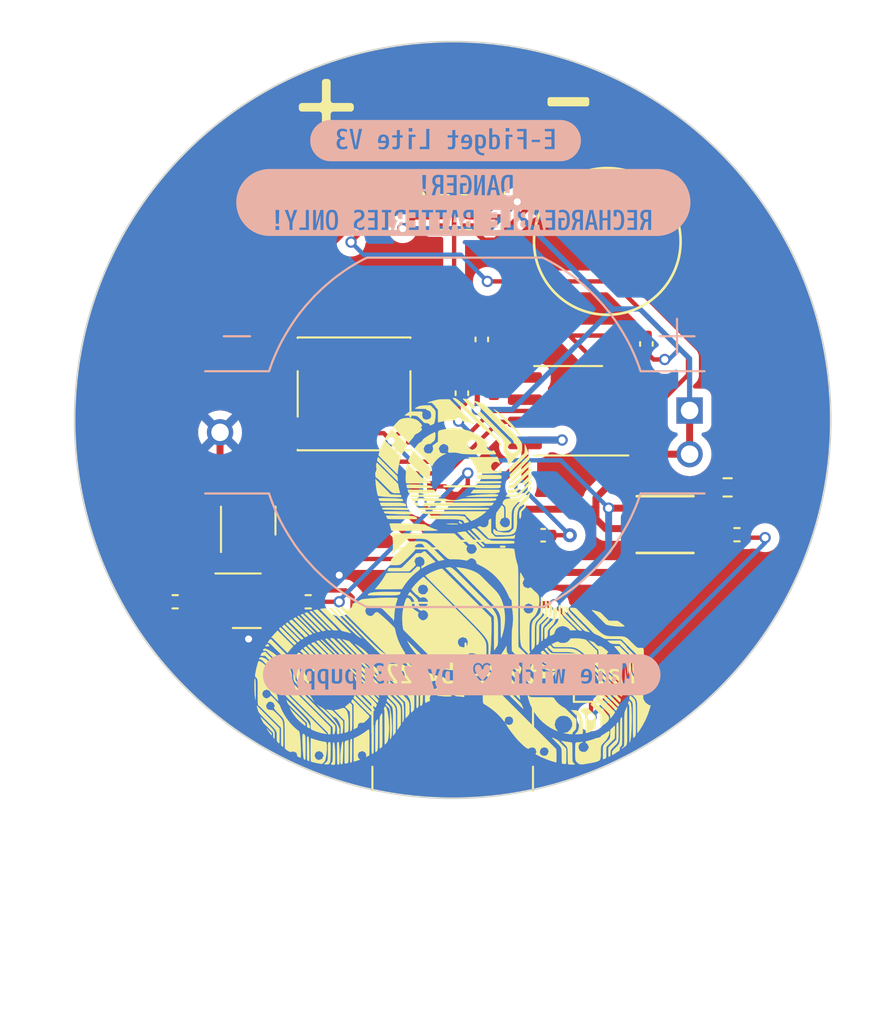
<source format=kicad_pcb>
(kicad_pcb (version 20221018) (generator pcbnew)
  (layers (0 "F.Cu" signal) (31 "B.Cu" signal) (34 "B.Paste" user) (35 "F.Paste" user) (36 "B.SilkS" user "B.Silkscreen") (37 "F.SilkS" user "F.Silkscreen") (38 "B.Mask" user) (39 "F.Mask" user) (44 "Edge.Cuts" user))
  (net 0 "")
  (net 1 "+3V3")
  (net 2 "Net-(BT1--)")
  (net 3 "/VIBR_PWM")
  (net 4 "/VIBR_EN")
  (net 5 "Net-(U2-OUT_M)")
  (net 6 "Net-(U2-OUT_P)")
  (net 8 "Net-(U1-PB3)")
  (net 11 "+BATT")
  (net 12 "-BATT")
  (net 13 "Net-(IC1-VCC)")
  (net 14 "VBUS")
  (net 15 "Net-(D1-K)")
  (net 16 "Net-(IC1-OD)")
  (net 17 "Net-(IC1-CS)")
  (net 18 "Net-(IC1-OC)")
  (net 20 "Net-(J1-CC1)")
  (net 21 "Net-(J1-CC2)")
  (net 22 "Net-(Q1-D)")
  (net 23 "Net-(U4-STAT)")
  (net 24 "Net-(U4-PROG)")
  (footprint "Capacitor_SMD:C_0402_1005Metric" (layer "F.Cu") (at 118.364 95.504 180)
    (fp_text reference "C4" hide)
    (fp_text value "0.1u")
  )
  (footprint "LED_SMD:LED_0603_1608Metric" (layer "F.Cu") (at 134.32 95.6825 90)
    (fp_text reference "D1" hide)
    (fp_text value "LED_Small")
  )
  (footprint "Capacitor_SMD:C_0402_1005Metric" (layer "F.Cu") (at 137.74 76.68 90)
    (fp_text reference "C1" hide)
    (fp_text value "0.1u")
  )
  (footprint "footprints:QFN50P200X200X80-10N" (layer "F.Cu") (at 126.725 69.16)
    (fp_text reference "U2" hide)
    (fp_text value "DRV2603RUNR")
  )
  (footprint "Resistor_SMD:R_0402_1005Metric" (layer "F.Cu") (at 125.476 93.98 90)
    (fp_text reference "R4" hide)
    (fp_text value "5.1k")
  )
  (footprint "Package_TO_SOT_SMD:SOT-23-3" (layer "F.Cu") (at 114.93 86.7925 90)
    (fp_text reference "Q1" hide)
    (fp_text value "Q_NMOS_DSG")
  )
  (footprint "Package_SO:SOIC-8_3.9x4.9mm_P1.27mm" (layer "F.Cu") (at 133.255 80.505 180)
    (fp_text reference "U1" hide)
    (fp_text value "ATtiny13A-SS")
  )
  (footprint "Resistor_SMD:R_0402_1005Metric" (layer "F.Cu") (at 110.744 91.44)
    (fp_text reference "R2" hide)
    (fp_text value "1k")
  )
  (footprint "footprints:SW_Push_1P1T_NO_6x6mm_H9.5mm_LongPads" (layer "F.Cu") (at 120.993 79.538)
    (fp_text reference "SW1" hide)
    (fp_text value "TL3301NF100QG")
  )
  (footprint "Capacitor_SMD:C_0402_1005Metric" (layer "F.Cu") (at 131.826 87.63)
    (fp_text reference "C5" hide)
    (fp_text value "1u")
  )
  (footprint "Capacitor_SMD:C_0402_1005Metric" (layer "F.Cu") (at 127.17 79.5 90)
    (fp_text reference "C7" hide)
    (fp_text value "1u")
  )
  (footprint "Resistor_SMD:R_0402_1005Metric" (layer "F.Cu") (at 118.364 91.44 180)
    (fp_text reference "R1" hide)
    (fp_text value "100")
  )
  (footprint "footprints:DFN10_3x3MC_MCH" (layer "F.Cu") (at 138.81 87.02)
    (fp_text reference "U4" hide)
    (fp_text value "MCP73113-16SI/MF")
  )
  (footprint "Connector_USB:USB_C_Receptacle_GCT_USB4135-GF-A_6P_TopMnt_Horizontal" (layer "F.Cu") (at 126.643403 99.28)
    (fp_text reference "J1" hide)
    (fp_text value "USB_C_Receptacle_PowerOnly_6P")
  )
  (footprint "Package_TO_SOT_SMD:SOT-23-6" (layer "F.Cu") (at 114.8475 91.38)
    (property "VALUE" "DW01A")
    (fp_text reference "IC1" hide)
    (fp_text value "DW01A")
  )
  (footprint "Resistor_SMD:R_0402_1005Metric" (layer "F.Cu") (at 127 93.98 90)
    (fp_text reference "R5" hide)
    (fp_text value "5.1k")
  )
  (footprint "Capacitor_SMD:C_0402_1005Metric" (layer "F.Cu") (at 124.968 84.836 180)
    (fp_text reference "C8" hide)
    (fp_text value "1u")
  )
  (footprint "Resistor_SMD:R_0402_1005Metric" (layer "F.Cu") (at 142.93 87.6)
    (fp_text reference "R3" hide)
    (fp_text value "330")
  )
  (footprint "Capacitor_SMD:C_0402_1005Metric" (layer "F.Cu") (at 128.31 76.42 90)
    (fp_text reference "C2" hide)
    (fp_text value "0.1u")
  )
  (footprint "Capacitor_SMD:C_0402_1005Metric" (layer "F.Cu") (at 129.26 68.09 90)
    (fp_text reference "C3" hide)
    (fp_text value "0.1u")
  )
  (footprint "Capacitor_SMD:C_0402_1005Metric" (layer "F.Cu") (at 129.512 88.646)
    (fp_text reference "C6" hide)
    (fp_text value "1u")
  )
  (footprint "Package_TO_SOT_SMD:SOT-23-5" (layer "F.Cu") (at 127.96 86.39)
    (fp_text reference "U3" hide)
    (fp_text value "MIC5504-3.3YM5")
  )
  (footprint "Resistor_SMD:R_0603_1608Metric" (layer "F.Cu") (at 142.39 84.89)
    (fp_text reference "R6" hide)
    (fp_text value "60k")
  )
  (footprint "footprints:MotorPads" (layer "F.Cu") (at 126.4 63)
    (fp_text reference "M1" hide)
    (fp_text value "VG0840001D")
  )
  (footprint "Package_TO_SOT_SMD:SOT-23-3" (layer "F.Cu") (at 125.14 89.94)
    (fp_text reference "Q2" hide)
    (fp_text value "Q_NMOS_DSG")
  )
  (footprint "kibuzzard-64E02DE0" (layer "B.Cu") (at 126.235 65.04 180)
    (fp_text reference "kibuzzard-64E02DE0" hide)
    (fp_text value "G***" hide)
  )
  (footprint "kibuzzard-6472B1FB" (layer "B.Cu") (at 127.16 95.62 180)
    (fp_text reference "kibuzzard-6472B1FB" hide)
    (fp_text value "G***" hide)
  )
  (footprint "kibuzzard-650B44AE" (layer "B.Cu") (at 127.254 68.58 180)
    (fp_text reference "kibuzzard-650B44AE" hide)
    (fp_text value "G***" hide)
  )
  (footprint "footprints:BAT_BU2032-1-HD-G" (layer "B.Cu") (at 126.765 81.74 180)
    (fp_text reference "BT1" hide)
    (fp_text value "BU2032")
  )
  (gr_poly (pts (xy 128.996976 80.412552) (xy 129.010831 80.419476) (xy 129.030095 80.430464) (xy 129.054105 80.445064) (xy 129.1137 80.483291) (xy 129.184302 80.530545) (xy 129.260598 80.583209) (xy 129.337272 80.637669) (xy 129.40901 80.69031) (xy 129.470497 80.737518) (xy 129.548357 80.801089) (xy 129.627077 80.868896) (xy 129.706133 80.940345) (xy 129.785 81.014844) (xy 129.863154 81.091798) (xy 129.940069 81.170614) (xy 130.015222 81.2507) (xy 130.088086 81.331461) (xy 130.158139 81.412305) (xy 130.224854 81.492638) (xy 130.287707 81.571867) (xy 130.346174 81.649398) (xy 130.39973 81.724638) (xy 130.44785 81.796994) (xy 130.490009 81.865873) (xy 130.525683 81.93068) (xy 130.530404 81.939977) (xy 130.532201 81.943844) (xy 130.533432 81.947006) (xy 130.533791 81.948279) (xy 130.533954 81.949324) (xy 130.533905 81.950124) (xy 130.533625 81.950661) (xy 130.533097 81.950918) (xy 130.532302 81.950878) (xy 130.531223 81.950523) (xy 130.529842 81.949837) (xy 130.528141 81.948802) (xy 130.526102 81.9474) (xy 130.52094 81.94343) (xy 130.514212 81.937787) (xy 130.505777 81.930335) (xy 130.495491 81.920934) (xy 130.483211 81.909446) (xy 130.468796 81.895734) (xy 130.452101 81.87966) (xy 130.411305 81.83987) (xy 130.359681 81.788973) (xy 130.296086 81.725863) (xy 130.219379 81.649435) (xy 130.022062 81.452207) (xy 129.758594 81.188451) (xy 129.758594 81.188449) (xy 129.211939 80.638771) (xy 129.047455 80.471557) (xy 128.989194 80.410143)) (stroke (width 0.009512)) (fill solid) (layer "F.SilkS"))
  (gr_poly (pts (xy 127.411753 85.428996) (xy 127.411746 85.429) (xy 127.411746 85.428996)) (stroke (width 0.009512)) (fill solid) (layer "F.SilkS"))
  (gr_poly (pts (xy 131.143918 83.717134) (xy 131.146124 83.724961) (xy 131.148171 83.736194) (xy 131.151721 83.766718) (xy 131.154438 83.804389) (xy 131.156189 83.84489) (xy 131.156845 83.883905) (xy 131.156276 83.917117) (xy 131.155491 83.930198) (xy 131.15435 83.94021) (xy 131.152838 83.946613) (xy 131.151937 83.948292) (xy 131.150937 83.948867) (xy 131.150375 83.948885) (xy 131.14982 83.948937) (xy 131.149273 83.949025) (xy 131.148735 83.949145) (xy 131.148205 83.949298) (xy 131.147686 83.949482) (xy 131.147177 83.949697) (xy 131.14668 83.949942) (xy 131.146194 83.950216) (xy 131.145722 83.950518) (xy 131.145262 83.950847) (xy 131.144817 83.951203) (xy 131.144387 83.951584) (xy 131.143973 83.951989) (xy 131.143574 83.952418) (xy 131.143193 83.95287) (xy 131.142829 83.953344) (xy 131.142484 83.95384) (xy 131.142157 83.954355) (xy 131.141851 83.954889) (xy 131.141565 83.955443) (xy 131.1413 83.956013) (xy 131.141057 83.956601) (xy 131.140837 83.957204) (xy 131.14064 83.957822) (xy 131.140467 83.958454) (xy 131.140318 83.9591) (xy 131.140195 83.959757) (xy 131.140099 83.960427) (xy 131.140028 83.961106) (xy 131.139986 83.961796) (xy 131.139972 83.962494) (xy 131.139947 83.963201) (xy 131.139873 83.963914) (xy 131.139751 83.964633) (xy 131.139583 83.965355) (xy 131.13937 83.966081) (xy 131.139112 83.966808) (xy 131.138812 83.967536) (xy 131.13847 83.968263) (xy 131.138087 83.968987) (xy 131.137666 83.969708) (xy 131.137206 83.970425) (xy 131.13671 83.971135) (xy 131.135612 83.972534) (xy 131.134381 83.973893) (xy 131.133028 83.975204) (xy 131.131563 83.976455) (xy 131.129994 83.977638) (xy 131.128331 83.978741) (xy 131.126586 83.979755) (xy 131.124766 83.98067) (xy 131.122882 83.981475) (xy 131.12192 83.981834) (xy 131.120945 83.982161) (xy 131.119006 83.982844) (xy 131.117121 83.983639) (xy 131.115301 83.984538) (xy 131.113555 83.985531) (xy 131.111893 83.986607) (xy 131.110324 83.987757) (xy 131.108858 83.988972) (xy 131.107505 83.990241) (xy 131.106275 83.991555) (xy 131.105178 83.992904) (xy 131.104222 83.994279) (xy 131.103418 83.995668) (xy 131.102776 83.997064) (xy 131.102519 83.997761) (xy 131.102306 83.998455) (xy 131.102138 83.999146) (xy 131.102016 83.999833) (xy 131.101943 84.000514) (xy 131.101918 84.001187) (xy 131.101893 84.001861) (xy 131.101819 84.002542) (xy 131.101697 84.003228) (xy 131.101529 84.003919) (xy 131.101316 84.004614) (xy 131.101058 84.005311) (xy 131.100758 84.006009) (xy 131.100416 84.006707) (xy 131.100034 84.007403) (xy 131.099612 84.008096) (xy 131.099152 84.008786) (xy 131.098656 84.009471) (xy 131.097558 84.01082) (xy 131.096328 84.012133) (xy 131.094975 84.013403) (xy 131.093509 84.014617) (xy 131.09194 84.015767) (xy 131.090278 84.016844) (xy 131.088533 84.017836) (xy 131.086714 84.018735) (xy 131.08483 84.01953) (xy 131.083868 84.019886) (xy 131.082893 84.020213) (xy 131.080954 84.020899) (xy 131.07907 84.021704) (xy 131.07725 84.022619) (xy 131.075503 84.023633) (xy 131.073841 84.024736) (xy 131.072272 84.025919) (xy 131.070806 84.02717) (xy 131.069454 84.028481) (xy 131.068224 84.02984) (xy 131.067126 84.031239) (xy 131.06617 84.032666) (xy 131.065367 84.034111) (xy 131.065025 84.034838) (xy 131.064725 84.035566) (xy 131.064468 84.036293) (xy 131.064254 84.037019) (xy 131.064086 84.037741) (xy 131.063965 84.03846) (xy 131.063891 84.039173) (xy 131.063866 84.03988) (xy 131.063819 84.041268) (xy 131.063681 84.042617) (xy 131.063457 84.043921) (xy 131.06315 84.045171) (xy 131.062767 84.046362) (xy 131.062311 84.047486) (xy 131.061788 84.048535) (xy 131.061201 84.049504) (xy 131.060556 84.050386) (xy 131.059857 84.051172) (xy 131.059489 84.051527) (xy 131.059109 84.051856) (xy 131.058718 84.052158) (xy 131.058316 84.052432) (xy 131.057904 84.052677) (xy 131.057483 84.052892) (xy 131.057053 84.053076) (xy 131.056615 84.053229) (xy 131.056169 84.05335) (xy 131.055716 84.053437) (xy 131.055256 84.053489) (xy 131.054791 84.053507) (xy 131.053619 84.053638) (xy 131.052259 84.054022) (xy 131.050726 84.054642) (xy 131.049035 84.055486) (xy 131.045235 84.057785) (xy 131.040978 84.060801) (xy 131.036382 84.064417) (xy 131.031566 84.068516) (xy 131.026648 84.072981) (xy 131.021746 84.077696) (xy 131.016978 84.082544) (xy 131.012462 84.087407) (xy 131.008316 84.092169) (xy 131.00466 84.096714) (xy 131.00161 84.100923) (xy 130.999285 84.104681) (xy 130.998431 84.106355) (xy 130.997803 84.107871) (xy 130.997416 84.109216) (xy 130.997283 84.110375) (xy 130.997258 84.110816) (xy 130.997184 84.111266) (xy 130.997063 84.111726) (xy 130.996895 84.112193) (xy 130.996681 84.112669) (xy 130.996424 84.11315) (xy 130.996123 84.113637) (xy 130.995782 84.114128) (xy 130.995399 84.114623) (xy 130.994977 84.115121) (xy 130.994518 84.11562) (xy 130.994022 84.11612) (xy 130.99349 84.11662) (xy 130.992924 84.117118) (xy 130.991693 84.118109) (xy 130.99034 84.119084) (xy 130.988874 84.120036) (xy 130.987305 84.120958) (xy 130.985643 84.121842) (xy 130.983897 84.122681) (xy 130.982078 84.123468) (xy 130.980194 84.124194) (xy 130.978256 84.124853) (xy 130.976317 84.125539) (xy 130.974433 84.126344) (xy 130.972613 84.127259) (xy 130.970867 84.128273) (xy 130.969204 84.129376) (xy 130.967635 84.130559) (xy 130.96617 84.13181) (xy 130.964817 84.133121) (xy 130.963587 84.13448) (xy 130.962489 84.135879) (xy 130.961534 84.137306) (xy 130.96073 84.138752) (xy 130.960388 84.139478) (xy 130.960088 84.140206) (xy 130.959831 84.140933) (xy 130.959618 84.141659) (xy 130.95945 84.142382) (xy 130.959328 84.1431) (xy 130.959254 84.143813) (xy 130.959229 84.14452) (xy 130.959212 84.145218) (xy 130.959159 84.145908) (xy 130.959072 84.146588) (xy 130.958951 84.147258) (xy 130.958798 84.147915) (xy 130.958614 84.148561) (xy 130.958399 84.149193) (xy 130.958154 84.149811) (xy 130.95788 84.150415) (xy 130.957578 84.151002) (xy 130.957249 84.151573) (xy 130.956894 84.152126) (xy 130.956513 84.15266) (xy 130.956107 84.153176) (xy 130.955678 84.153671) (xy 130.955226 84.154145) (xy 130.954753 84.154597) (xy 130.954258 84.155026) (xy 130.953743 84.155431) (xy 130.953208 84.155812) (xy 130.952656 84.156167) (xy 130.952085 84.156497) (xy 130.951498 84.156798) (xy 130.950895 84.157072) (xy 130.950278 84.157317) (xy 130.949646 84.157532) (xy 130.949001 84.157717) (xy 130.948343 84.157869) (xy 130.947675 84.15799) (xy 130.946995 84.158077) (xy 130.946306 84.15813) (xy 130.945609 84.158147) (xy 130.944902 84.158172) (xy 130.944188 84.158246) (xy 130.943469 84.158368) (xy 130.942746 84.158536) (xy 130.942021 84.158749) (xy 130.941293 84.159007) (xy 130.940565 84.159307) (xy 130.939839 84.159649) (xy 130.939114 84.160031) (xy 130.938393 84.160453) (xy 130.937676 84.160912) (xy 130.936966 84.161408) (xy 130.935568 84.162506) (xy 130.934209 84.163737) (xy 130.932898 84.16509) (xy 130.931647 84.166555) (xy 130.930465 84.168124) (xy 130.929362 84.169786) (xy 130.928348 84.171532) (xy 130.927434 84.173352) (xy 130.926629 84.175235) (xy 130.92627 84.176198) (xy 130.925943 84.177173) (xy 130.925285 84.179111) (xy 130.92456 84.180995) (xy 130.923774 84.182815) (xy 130.922935 84.184561) (xy 130.922051 84.186223) (xy 130.921129 84.187792) (xy 130.920176 84.189258) (xy 130.919201 84.19061) (xy 130.91821 84.191841) (xy 130.917211 84.192938) (xy 130.916212 84.193894) (xy 130.915219 84.194698) (xy 130.914241 84.19534) (xy 130.913285 84.195811) (xy 130.912818 84.195979) (xy 130.912358 84.1961) (xy 130.911908 84.196174) (xy 130.911469 84.196199) (xy 130.910576 84.196328) (xy 130.909463 84.196703) (xy 130.906644 84.198134) (xy 130.90314 84.200374) (xy 130.899084 84.203302) (xy 130.894603 84.206798) (xy 130.88983 84.210743) (xy 130.884894 84.215016) (xy 130.879924 84.219499) (xy 130.875052 84.224071) (xy 130.870407 84.228613) (xy 130.866119 84.233005) (xy 130.86232 84.237127) (xy 130.859138 84.240859) (xy 130.856704 84.244081) (xy 130.855148 84.246675) (xy 130.85474 84.247698) (xy 130.854601 84.248519) (xy 130.854461 84.24934) (xy 130.854053 84.250362) (xy 130.853393 84.251572) (xy 130.852497 84.252955) (xy 130.850063 84.256177) (xy 130.84688 84.259909) (xy 130.84308 84.26403) (xy 130.838792 84.268422) (xy 130.834147 84.272964) (xy 130.829275 84.277537) (xy 130.824305 84.28202) (xy 130.819368 84.286294) (xy 130.814595 84.290239) (xy 130.810115 84.293736) (xy 130.806058 84.296664) (xy 130.802556 84.298904) (xy 130.801053 84.299728) (xy 130.799737 84.300335) (xy 130.798625 84.300711) (xy 130.797733 84.300839) (xy 130.797293 84.300864) (xy 130.796843 84.300938) (xy 130.796383 84.30106) (xy 130.795916 84.301228) (xy 130.795441 84.301441) (xy 130.79496 84.301699) (xy 130.794473 84.301999) (xy 130.793982 84.302341) (xy 130.793487 84.302723) (xy 130.792989 84.303145) (xy 130.79249 84.303604) (xy 130.79199 84.304101) (xy 130.79149 84.304633) (xy 130.790991 84.305199) (xy 130.79 84.306429) (xy 130.789025 84.307782) (xy 130.788072 84.309248) (xy 130.78715 84.310817) (xy 130.786266 84.312479) (xy 130.785427 84.314224) (xy 130.784642 84.316043) (xy 130.783916 84.317927) (xy 130.783258 84.319864) (xy 130.782573 84.321803) (xy 130.781769 84.323688) (xy 130.780855 84.325508) (xy 130.779842 84.327254) (xy 130.778739 84.328916) (xy 130.777557 84.330485) (xy 130.776306 84.331951) (xy 130.774995 84.333303) (xy 130.773636 84.334533) (xy 130.772237 84.335631) (xy 130.77081 84.336586) (xy 130.769364 84.337389) (xy 130.768637 84.337731) (xy 130.767909 84.338031) (xy 130.767181 84.338288) (xy 130.766455 84.338502) (xy 130.765732 84.33867) (xy 130.765013 84.338791) (xy 130.7643 84.338865) (xy 130.763593 84.33889) (xy 130.762894 84.338908) (xy 130.762204 84.338964) (xy 130.761523 84.339055) (xy 130.760854 84.339181) (xy 130.760196 84.339341) (xy 130.75955 84.339534) (xy 130.758918 84.339759) (xy 130.7583 84.340015) (xy 130.757697 84.340302) (xy 130.75711 84.340618) (xy 130.75654 84.340963) (xy 130.755987 84.341335) (xy 130.755453 84.341734) (xy 130.754938 84.342158) (xy 130.754443 84.342607) (xy 130.75397 84.34308) (xy 130.753518 84.343577) (xy 130.753089 84.344095) (xy 130.752684 84.344634) (xy 130.752304 84.345194) (xy 130.751949 84.345773) (xy 130.75162 84.34637) (xy 130.751319 84.346985) (xy 130.751045 84.347616) (xy 130.750801 84.348263) (xy 130.750586 84.348925) (xy 130.750402 84.349601) (xy 130.750249 84.350289) (xy 130.750129 84.35099) (xy 130.750042 84.351702) (xy 130.74999 84.352424) (xy 130.749972 84.353155) (xy 130.749952 84.353886) (xy 130.749893 84.354608) (xy 130.749796 84.355319) (xy 130.749662 84.35602) (xy 130.749492 84.356709) (xy 130.749287 84.357384) (xy 130.749048 84.358046) (xy 130.748775 84.358693) (xy 130.74847 84.359325) (xy 130.748134 84.35994) (xy 130.747768 84.360537) (xy 130.747373 84.361116) (xy 130.746949 84.361675) (xy 130.746498 84.362215) (xy 130.74602 84.362733) (xy 130.745517 84.363229) (xy 130.74499 84.363702) (xy 130.744439 84.364152) (xy 130.743866 84.364576) (xy 130.743272 84.364975) (xy 130.742656 84.365347) (xy 130.742022 84.365691) (xy 130.741368 84.366007) (xy 130.740697 84.366294) (xy 130.74001 84.36655) (xy 130.739306 84.366776) (xy 130.738589 84.366969) (xy 130.737857 84.367129) (xy 130.737113 84.367255) (xy 130.736357 84.367346) (xy 130.73559 84.367401) (xy 130.734813 84.36742) (xy 130.734029 84.367445) (xy 130.733242 84.367519) (xy 130.732454 84.36764) (xy 130.731665 84.367808) (xy 130.730878 84.368022) (xy 130.730092 84.368279) (xy 130.72931 84.36858) (xy 130.728533 84.368922) (xy 130.727762 84.369304) (xy 130.726998 84.369726) (xy 130.726243 84.370185) (xy 130.725498 84.370681) (xy 130.724764 84.371213) (xy 130.724043 84.371779) (xy 130.722643 84.37301) (xy 130.721309 84.374363) (xy 130.720051 84.375829) (xy 130.71888 84.377397) (xy 130.717804 84.37906) (xy 130.716836 84.380805) (xy 130.716395 84.381706) (xy 130.715985 84.382625) (xy 130.715607 84.383559) (xy 130.715262 84.384508) (xy 130.714951 84.385471) (xy 130.714676 84.386446) (xy 130.71413 84.388385) (xy 130.713522 84.390269) (xy 130.712858 84.392089) (xy 130.712143 84.393835) (xy 130.711385 84.395498) (xy 130.710591 84.397066) (xy 130.709766 84.398532) (xy 130.708917 84.399884) (xy 130.708051 84.401114) (xy 130.707174 84.402211) (xy 130.706293 84.403167) (xy 130.705413 84.40397) (xy 130.704543 84.404612) (xy 130.703687 84.405082) (xy 130.703267 84.40525) (xy 130.702852 84.405372) (xy 130.702445 84.405445) (xy 130.702046 84.40547) (xy 130.700897 84.405714) (xy 130.699338 84.406425) (xy 130.69511 84.409133) (xy 130.689597 84.413361) (xy 130.683031 84.418875) (xy 130.675647 84.425441) (xy 130.667678 84.432825) (xy 130.650922 84.449113) (xy 130.634634 84.465869) (xy 130.62725 84.473838) (xy 130.620684 84.481222) (xy 130.61517 84.487788) (xy 130.610942 84.493302) (xy 130.608234 84.49753) (xy 130.607522 84.499089) (xy 130.607279 84.500239) (xy 130.607254 84.500638) (xy 130.60718 84.501045) (xy 130.607059 84.501459) (xy 130.60689 84.501879) (xy 130.606677 84.502304) (xy 130.60642 84.502734) (xy 130.606119 84.503168) (xy 130.605777 84.503604) (xy 130.605395 84.504043) (xy 130.604973 84.504483) (xy 130.604514 84.504923) (xy 130.604017 84.505364) (xy 130.603485 84.505803) (xy 130.602919 84.50624) (xy 130.60232 84.506674) (xy 130.601689 84.507105) (xy 130.601027 84.507532) (xy 130.600336 84.507953) (xy 130.59887 84.508778) (xy 130.597302 84.509572) (xy 130.59564 84.51033) (xy 130.593894 84.511045) (xy 130.592075 84.511711) (xy 130.590192 84.512321) (xy 130.588254 84.512869) (xy 130.586315 84.513453) (xy 130.584431 84.514175) (xy 130.582611 84.515026) (xy 130.580865 84.515993) (xy 130.579202 84.517068) (xy 130.577633 84.518239) (xy 130.576168 84.519497) (xy 130.574815 84.52083) (xy 130.573585 84.52223) (xy 130.572487 84.523685) (xy 130.571532 84.525186) (xy 130.57111 84.525949) (xy 130.570728 84.526721) (xy 130.570386 84.527498) (xy 130.570086 84.52828) (xy 130.569829 84.529066) (xy 130.569615 84.529854) (xy 130.569447 84.530643) (xy 130.569326 84.531432) (xy 130.569252 84.532219) (xy 130.569227 84.533003) (xy 130.569209 84.533781) (xy 130.569153 84.534548) (xy 130.569062 84.535305) (xy 130.568936 84.536049) (xy 130.568776 84.536781) (xy 130.568583 84.537499) (xy 130.568358 84.538203) (xy 130.568102 84.53889) (xy 130.567815 84.539561) (xy 130.567499 84.540215) (xy 130.567154 84.54085) (xy 130.566782 84.541465) (xy 130.566384 84.542059) (xy 130.565959 84.542633) (xy 130.56551 84.543183) (xy 130.565037 84.54371) (xy 130.564541 84.544213) (xy 130.564022 84.54469) (xy 130.563483 84.545141) (xy 130.562924 84.545565) (xy 130.562345 84.54596) (xy 130.561747 84.546326) (xy 130.561133 84.546662) (xy 130.560501 84.546966) (xy 130.559854 84.547239) (xy 130.559192 84.547478) (xy 130.558517 84.547683) (xy 130.557828 84.547853) (xy 130.557128 84.547987) (xy 130.556416 84.548084) (xy 130.555694 84.548142) (xy 130.554963 84.548162) (xy 130.554232 84.54818) (xy 130.55351 84.548233) (xy 130.552798 84.54832) (xy 130.552098 84.54844) (xy 130.551409 84.548593) (xy 130.550733 84.548778) (xy 130.550072 84.548993) (xy 130.549425 84.549238) (xy 130.548793 84.549512) (xy 130.548178 84.549814) (xy 130.547581 84.550143) (xy 130.547002 84.550499) (xy 130.546443 84.55088) (xy 130.545903 84.551286) (xy 130.545385 84.551715) (xy 130.544889 84.552167) (xy 130.544416 84.552641) (xy 130.543967 84.553137) (xy 130.543542 84.553652) (xy 130.543144 84.554187) (xy 130.542772 84.55474) (xy 130.542427 84.555311) (xy 130.542111 84.555899) (xy 130.541825 84.556502) (xy 130.541569 84.557121) (xy 130.541343 84.557754) (xy 130.54115 84.558399) (xy 130.540991 84.559058) (xy 130.540865 84.559727) (xy 130.540773 84.560408) (xy 130.540718 84.561098) (xy 130.540699 84.561797) (xy 130.540675 84.562504) (xy 130.540601 84.563217) (xy 130.540479 84.563936) (xy 130.540311 84.564659) (xy 130.540098 84.565385) (xy 130.53984 84.566112) (xy 130.53954 84.56684) (xy 130.539198 84.567567) (xy 130.538815 84.568291) (xy 130.538394 84.569013) (xy 130.537934 84.569729) (xy 130.537438 84.57044) (xy 130.53634 84.571838) (xy 130.535109 84.573197) (xy 130.533756 84.574508) (xy 130.53229 84.575759) (xy 130.530721 84.576941) (xy 130.529059 84.578044) (xy 130.527313 84.579058) (xy 130.525494 84.579972) (xy 130.52361 84.580778) (xy 130.522648 84.581136) (xy 130.521672 84.581463) (xy 130.519734 84.582145) (xy 130.517849 84.58294) (xy 130.516029 84.583838) (xy 130.514283 84.58483) (xy 130.512621 84.585906) (xy 130.511052 84.587056) (xy 130.509586 84.588271) (xy 130.508233 84.58954) (xy 130.507003 84.590854) (xy 130.505905 84.592203) (xy 130.50495 84.593578) (xy 130.504146 84.594968) (xy 130.503504 84.596364) (xy 130.503247 84.597061) (xy 130.503034 84.597756) (xy 130.502866 84.598447) (xy 130.502744 84.599134) (xy 130.50267 84.599815) (xy 130.502646 84.600489) (xy 130.502621 84.601162) (xy 130.502547 84.601843) (xy 130.502425 84.602529) (xy 130.502257 84.60322) (xy 130.502044 84.603915) (xy 130.501786 84.604612) (xy 130.501486 84.605309) (xy 130.501144 84.606007) (xy 130.500761 84.606703) (xy 130.50034 84.607397) (xy 130.49988 84.608086) (xy 130.499384 84.608771) (xy 130.498286 84.61012) (xy 130.497056 84.611434) (xy 130.495703 84.612703) (xy 130.494237 84.613918) (xy 130.492668 84.615069) (xy 130.491006 84.616145) (xy 130.489261 84.617138) (xy 130.487441 84.618037) (xy 130.485558 84.618832) (xy 130.484596 84.619188) (xy 130.483621 84.619515) (xy 130.481682 84.6202) (xy 130.479798 84.621004) (xy 130.477977 84.621918) (xy 130.476231 84.622932) (xy 130.474569 84.624034) (xy 130.473 84.625217) (xy 130.471534 84.626468) (xy 130.470182 84.627778) (xy 130.468951 84.629138) (xy 130.467854 84.630536) (xy 130.466898 84.631964) (xy 130.466095 84.63341) (xy 130.465753 84.634137) (xy 130.465453 84.634865) (xy 130.465195 84.635593) (xy 130.464982 84.636319) (xy 130.464814 84.637042) (xy 130.464693 84.637761) (xy 130.464619 84.638475) (xy 130.464594 84.639182) (xy 130.464547 84.640571) (xy 130.464409 84.64192) (xy 130.464184 84.643224) (xy 130.463878 84.644474) (xy 130.463495 84.645664) (xy 130.463039 84.646787) (xy 130.462516 84.647836) (xy 130.461929 84.648804) (xy 130.461284 84.649684) (xy 130.460585 84.650469) (xy 130.460217 84.650824) (xy 130.459837 84.651153) (xy 130.459445 84.651454) (xy 130.459044 84.651728) (xy 130.458632 84.651972) (xy 130.458211 84.652187) (xy 130.457781 84.652371) (xy 130.457343 84.652524) (xy 130.456897 84.652644) (xy 130.456444 84.652731) (xy 130.455984 84.652783) (xy 130.455519 84.652801) (xy 130.454347 84.652932) (xy 130.452987 84.653315) (xy 130.451454 84.653936) (xy 130.449762 84.65478) (xy 130.445962 84.657079) (xy 130.441705 84.660095) (xy 130.437109 84.663711) (xy 130.432293 84.66781) (xy 130.427375 84.672275) (xy 130.422473 84.67699) (xy 130.417705 84.681838) (xy 130.413189 84.686701) (xy 130.409043 84.691463) (xy 130.405386 84.696008) (xy 130.402336 84.700217) (xy 130.400012 84.703975) (xy 130.399158 84.705649) (xy 130.39853 84.707165) (xy 130.398142 84.70851) (xy 130.39801 84.709669) (xy 130.397985 84.710109) (xy 130.397911 84.710559) (xy 130.39779 84.711018) (xy 130.397621 84.711486) (xy 130.397408 84.711961) (xy 130.397151 84.712442) (xy 130.39685 84.712929) (xy 130.396508 84.71342) (xy 130.396126 84.713915) (xy 130.395704 84.714413) (xy 130.395245 84.714912) (xy 130.394748 84.715412) (xy 130.394216 84.715912) (xy 130.39365 84.716411) (xy 130.39242 84.717402) (xy 130.391067 84.718377) (xy 130.389601 84.719329) (xy 130.388032 84.720251) (xy 130.38637 84.721136) (xy 130.384624 84.721974) (xy 130.382804 84.72276) (xy 130.380921 84.723486) (xy 130.378983 84.724144) (xy 130.377044 84.724828) (xy 130.37516 84.725633) (xy 130.37334 84.726547) (xy 130.371594 84.72756) (xy 130.369932 84.728663) (xy 130.368363 84.729845) (xy 130.366897 84.731097) (xy 130.365545 84.732407) (xy 130.364315 84.733767) (xy 130.363217 84.735165) (xy 130.362262 84.736593) (xy 130.361459 84.738039) (xy 130.361117 84.738766) (xy 130.360817 84.739494) (xy 130.36056 84.740221) (xy 130.360346 84.740947) (xy 130.360178 84.741671) (xy 130.360057 84.74239) (xy 130.359983 84.743103) (xy 130.359958 84.74381) (xy 130.35994 84.744509) (xy 130.359888 84.745199) (xy 130.359801 84.74588) (xy 130.35968 84.74655) (xy 130.359527 84.747208) (xy 130.359343 84.747854) (xy 130.359128 84.748486) (xy 130.358883 84.749105) (xy 130.358609 84.749708) (xy 130.358307 84.750296) (xy 130.357978 84.750867) (xy 130.357622 84.75142) (xy 130.357241 84.751955) (xy 130.356835 84.752471) (xy 130.356406 84.752966) (xy 130.355954 84.75344) (xy 130.35548 84.753892) (xy 130.354984 84.754322) (xy 130.354469 84.754727) (xy 130.353934 84.755108) (xy 130.353381 84.755464) (xy 130.35281 84.755793) (xy 130.352222 84.756095) (xy 130.351618 84.756369) (xy 130.351 84.756614) (xy 130.350367 84.756829) (xy 130.349721 84.757014) (xy 130.349063 84.757167) (xy 130.348393 84.757287) (xy 130.347713 84.757374) (xy 130.347023 84.757427) (xy 130.346324 84.757445) (xy 130.345617 84.75747) (xy 130.344903 84.757544) (xy 130.344185 84.757665) (xy 130.343462 84.757833) (xy 130.342736 84.758047) (xy 130.342008 84.758304) (xy 130.341281 84.758604) (xy 130.340554 84.758946) (xy 130.339829 84.759329) (xy 130.339108 84.75975) (xy 130.338392 84.76021) (xy 130.337681 84.760706) (xy 130.336283 84.761804) (xy 130.334924 84.763035) (xy 130.333614 84.764388) (xy 130.332362 84.765853) (xy 130.33118 84.767422) (xy 130.330077 84.769084) (xy 130.329064 84.77083) (xy 130.328149 84.772649) (xy 130.327344 84.774532) (xy 130.326986 84.775495) (xy 130.326658 84.776469) (xy 130.326001 84.778409) (xy 130.325275 84.780293) (xy 130.324489 84.782113) (xy 130.32365 84.783859) (xy 130.322766 84.785522) (xy 130.321844 84.78709) (xy 130.320892 84.788556) (xy 130.319917 84.789909) (xy 130.318926 84.791139) (xy 130.317927 84.792236) (xy 130.316928 84.793191) (xy 130.315936 84.793995) (xy 130.314958 84.794637) (xy 130.314002 84.795107) (xy 130.313534 84.795275) (xy 130.313075 84.795397) (xy 130.312625 84.79547) (xy 130.312185 84.795495) (xy 130.311025 84.795628) (xy 130.30968 84.796015) (xy 130.308163 84.796643) (xy 130.30649 84.797497) (xy 130.302731 84.799821) (xy 130.298522 84.802871) (xy 130.293977 84.806528) (xy 130.289215 84.810673) (xy 130.284351 84.815188) (xy 130.279504 84.819956) (xy 130.274789 84.824859) (xy 130.270324 84.829777) (xy 130.266226 84.834593) (xy 130.26261 84.839188) (xy 130.259595 84.843446) (xy 130.257296 84.847246) (xy 130.256452 84.848938) (xy 130.255831 84.850472) (xy 130.255448 84.851832) (xy 130.255317 84.853004) (xy 130.255299 84.85347) (xy 130.255246 84.853929) (xy 130.255159 84.854382) (xy 130.255039 84.854828) (xy 130.254886 84.855267) (xy 130.254701 84.855697) (xy 130.254486 84.856118) (xy 130.254241 84.85653) (xy 130.253967 84.856931) (xy 130.253665 84.857322) (xy 130.253336 84.857702) (xy 130.252981 84.858071) (xy 130.2526 84.858427) (xy 130.252194 84.85877) (xy 130.251765 84.859099) (xy 130.251312 84.859415) (xy 130.250838 84.859716) (xy 130.250343 84.860002) (xy 130.249827 84.860271) (xy 130.249293 84.860525) (xy 130.248739 84.860762) (xy 130.248168 84.860981) (xy 130.247581 84.861182) (xy 130.246977 84.861364) (xy 130.246359 84.861527) (xy 130.245726 84.86167) (xy 130.24508 84.861793) (xy 130.244422 84.861894) (xy 130.243752 84.861974) (xy 130.243072 84.862032) (xy 130.242382 84.862067) (xy 130.241682 84.862079) (xy 130.240976 84.862104) (xy 130.240262 84.862178) (xy 130.239543 84.8623) (xy 130.23882 84.862468) (xy 130.238094 84.862681) (xy 130.237367 84.862939) (xy 130.236639 84.863239) (xy 130.235913 84.863581) (xy 130.235188 84.863963) (xy 130.234467 84.864385) (xy 130.23375 84.864845) (xy 130.23304 84.865341) (xy 130.231642 84.866439) (xy 130.230282 84.867669) (xy 130.228972 84.869022) (xy 130.227721 84.870488) (xy 130.226539 84.872057) (xy 130.225436 84.873719) (xy 130.224422 84.875465) (xy 130.223508 84.877284) (xy 130.222703 84.879167) (xy 130.222344 84.88013) (xy 130.222017 84.881105) (xy 130.221336 84.883044) (xy 130.220541 84.884929) (xy 130.219643 84.886749) (xy 130.218651 84.888495) (xy 130.217575 84.890157) (xy 130.216425 84.891726) (xy 130.21521 84.893191) (xy 130.213941 84.894544) (xy 130.212627 84.895774) (xy 130.211278 84.896871) (xy 130.209903 84.897826) (xy 130.208512 84.898629) (xy 130.207116 84.899271) (xy 130.206419 84.899529) (xy 130.205724 84.899742) (xy 130.205032 84.89991) (xy 130.204345 84.900031) (xy 130.203664 84.900105) (xy 130.20299 84.90013) (xy 130.202317 84.900155) (xy 130.201636 84.900228) (xy 130.20095 84.90035) (xy 130.200258 84.900518) (xy 130.199564 84.900732) (xy 130.198867 84.900989) (xy 130.198169 84.901289) (xy 130.197471 84.901631) (xy 130.196775 84.902014) (xy 130.196082 84.902435) (xy 130.195392 84.902895) (xy 130.194707 84.903391) (xy 130.193358 84.904489) (xy 130.192044 84.90572) (xy 130.190775 84.907073) (xy 130.18956 84.908539) (xy 130.188409 84.910107) (xy 130.187333 84.91177) (xy 130.18634 84.913515) (xy 130.185441 84.915335) (xy 130.184646 84.917218) (xy 130.18429 84.918181) (xy 130.183963 84.919156) (xy 130.182419 84.920963) (xy 130.179032 84.922721) (xy 130.167226 84.92607) (xy 130.14954 84.929168) (xy 130.126969 84.93198) (xy 130.071153 84.936612) (xy 130.007739 84.939694) (xy 129.944688 84.940951) (xy 129.88996 84.940112) (xy 129.868206 84.938821) (xy 129.851517 84.936903) (xy 129.840891 84.934324) (xy 129.838161 84.932776) (xy 129.83732 84.931051) (xy 129.837302 84.931051) (xy 129.839718 84.903466) (xy 129.842406 84.878815) (xy 129.845497 84.856933) (xy 129.849123 84.837658) (xy 129.853414 84.820825) (xy 129.855849 84.813273) (xy 129.858501 84.806271) (xy 129.861383 84.799797) (xy 129.864514 84.793831) (xy 129.86791 84.788353) (xy 129.871586 84.783342) (xy 129.87556 84.778778) (xy 129.879847 84.77464) (xy 129.884463 84.770909) (xy 129.889427 84.767562) (xy 129.894752 84.76458) (xy 129.900457 84.761943) (xy 129.906557 84.75963) (xy 129.913069 84.75762) (xy 129.927394 84.754429) (xy 129.943561 84.752206) (xy 129.961703 84.750787) (xy 129.98195 84.750008) (xy 130.001714 84.749408) (xy 130.010906 84.748891) (xy 130.019793 84.748102) (xy 130.02849 84.746944) (xy 130.037114 84.74532) (xy 130.045781 84.743136) (xy 130.054606 84.740295) (xy 130.063707 84.7367) (xy 130.073199 84.732255) (xy 130.083198 84.726865) (xy 130.093821 84.720433) (xy 130.105182 84.712864) (xy 130.1174 84.70406) (xy 130.130588 84.693926) (xy 130.144865 84.682366) (xy 130.160345 84.669283) (xy 130.177145 84.654582) (xy 130.19538 84.638166) (xy 130.215168 84.619939) (xy 130.236624 84.599805) (xy 130.259864 84.577668) (xy 130.31216 84.527) (xy 130.372986 84.467166) (xy 130.44327 84.397396) (xy 130.615928 84.224975) (xy 130.853721 83.988355) (xy 131.016978 83.828694) (xy 131.072533 83.775917) (xy 131.111708 83.740213) (xy 131.135252 83.720859) (xy 131.141398 83.717088)) (stroke (width 0.009512)) (fill solid) (layer "F.SilkS"))
  (gr_poly (pts (xy 122.826439 97.262617) (xy 122.827754 97.262838) (xy 122.829147 97.26319) (xy 122.830621 97.263675) (xy 122.83218 97.264296) (xy 122.833829 97.265056) (xy 122.837411 97.267005) (xy 122.841401 97.269544) (xy 122.845833 97.272696) (xy 122.850739 97.276482) (xy 122.856154 97.280926) (xy 122.86211 97.28605) (xy 122.868642 97.291877) (xy 122.875782 97.29843) (xy 122.883563 97.30573) (xy 122.89202 97.313801) (xy 122.911093 97.332344) (xy 122.933268 97.35424) (xy 122.987993 97.408813) (xy 123.004781 97.430307) (xy 123.02087 97.460164) (xy 123.050855 97.542592) (xy 123.077761 97.651352) (xy 123.101401 97.781698) (xy 123.121589 97.928885) (xy 123.138138 98.088168) (xy 123.150862 98.254802) (xy 123.159574 98.424041) (xy 123.164087 98.591141) (xy 123.164216 98.751357) (xy 123.159772 98.899943) (xy 123.150571 99.032153) (xy 123.136424 99.143244) (xy 123.117146 99.22847) (xy 123.105524 99.2599) (xy 123.09255 99.283085) (xy 123.078199 99.29743) (xy 123.062449 99.302344) (xy 123.061601 99.297983) (xy 123.060779 99.285176) (xy 123.059227 99.235876) (xy 123.05661 99.054106) (xy 123.054852 98.783484) (xy 123.054209 98.450463) (xy 123.053958 98.169027) (xy 123.052203 97.955962) (xy 123.047437 97.79978) (xy 123.043455 97.739429) (xy 123.038157 97.68899) (xy 123.031353 97.647026) (xy 123.022857 97.612101) (xy 123.012479 97.582779) (xy 123.000032 97.557624) (xy 122.985327 97.535199) (xy 122.968178 97.514067) (xy 122.925789 97.46994) (xy 122.881413 97.425357) (xy 122.848257 97.391251) (xy 122.835456 97.37746) (xy 122.824944 97.365487) (xy 122.816547 97.355066) (xy 122.810096 97.345929) (xy 122.805416 97.337811) (xy 122.803686 97.334051) (xy 122.802336 97.330444) (xy 122.801342 97.326959) (xy 122.800683 97.323562) (xy 122.800339 97.320218) (xy 122.800286 97.316896) (xy 122.800973 97.310182) (xy 122.80257 97.303151) (xy 122.804907 97.295537) (xy 122.80781 97.287073) (xy 122.810506 97.279467) (xy 122.811798 97.276097) (xy 122.813097 97.273047) (xy 122.814436 97.270338) (xy 122.81585 97.267993) (xy 122.817371 97.266035) (xy 122.818182 97.265208) (xy 122.819032 97.264487) (xy 122.819926 97.263873) (xy 122.820868 97.26337) (xy 122.821862 97.262981) (xy 122.822911 97.262708) (xy 122.824021 97.262555) (xy 122.825196 97.262523)) (stroke (width 0.009512)) (fill solid) (layer "F.SilkS"))
  (gr_poly (pts (xy 117.569555 95.383161) (xy 117.573458 95.383323) (xy 117.577119 95.38365) (xy 117.580547 95.384191) (xy 117.58375 95.384993) (xy 117.58527 95.385506) (xy 117.586736 95.386103) (xy 117.588149 95.386788) (xy 117.589511 95.387569) (xy 117.590822 95.38845) (xy 117.592084 95.389438) (xy 117.593297 95.390539) (xy 117.594462 95.391759) (xy 117.59558 95.393103) (xy 117.596652 95.394578) (xy 117.59768 95.396189) (xy 117.598664 95.397943) (xy 117.599604 95.399845) (xy 117.600503 95.401902) (xy 117.602178 95.406502) (xy 117.603697 95.41179) (xy 117.605067 95.417815) (xy 117.606295 95.424624) (xy 117.60739 95.432263) (xy 117.608358 95.440782) (xy 117.609209 95.450227) (xy 117.609948 95.460646) (xy 117.610585 95.472086) (xy 117.611126 95.484595) (xy 117.611579 95.49822) (xy 117.611952 95.51301) (xy 117.612488 95.546271) (xy 117.612796 95.584759) (xy 117.612935 95.628853) (xy 117.612968 95.678934) (xy 117.613077 95.725851) (xy 117.61384 95.76758) (xy 117.615911 95.805162) (xy 117.617641 95.822725) (xy 117.619944 95.839643) (xy 117.6229 95.856047) (xy 117.626592 95.872066) (xy 117.631102 95.887831) (xy 117.63651 95.903473) (xy 117.6429 95.919122) (xy 117.650352 95.934909) (xy 117.658949 95.950964) (xy 117.668771 95.967417) (xy 117.679902 95.9844) (xy 117.692422 96.002041) (xy 117.706414 96.020472) (xy 117.721958 96.039824) (xy 117.739138 96.060226) (xy 117.758034 96.081809) (xy 117.801303 96.129041) (xy 117.85242 96.182562) (xy 117.912037 96.243416) (xy 118.059392 96.391297) (xy 118.314232 96.646941) (xy 118.395754 96.730143) (xy 118.454026 96.791558) (xy 118.494559 96.837154) (xy 118.522864 96.872901) (xy 118.544454 96.904768) (xy 118.56484 96.938724) (xy 118.577557 96.960178) (xy 118.591086 96.982454) (xy 118.618918 97.026876) (xy 118.632391 97.047723) (xy 118.645015 97.066795) (xy 118.656374 97.083442) (xy 118.666054 97.097016) (xy 118.678099 97.113492) (xy 118.687433 97.126714) (xy 118.690847 97.13188) (xy 118.693299 97.135961) (xy 118.694696 97.138867) (xy 118.694969 97.139852) (xy 118.694942 97.140509) (xy 118.694604 97.140827) (xy 118.693943 97.140795) (xy 118.691605 97.139635) (xy 118.687833 97.13694) (xy 118.682533 97.132618) (xy 118.67561 97.126579) (xy 118.666969 97.118734) (xy 118.644157 97.09726) (xy 118.613341 97.067475) (xy 118.573765 97.028654) (xy 118.524672 96.980076) (xy 118.465308 96.921018) (xy 118.312737 96.76857) (xy 118.110005 96.565529) (xy 118.110005 96.565524) (xy 117.914545 96.369148) (xy 117.767661 96.218164) (xy 117.710266 96.156496) (xy 117.662413 96.102341) (xy 117.623234 96.054418) (xy 117.591862 96.01145) (xy 117.56743 95.972158) (xy 117.549069 95.935263) (xy 117.535913 95.899486) (xy 117.527094 95.86355) (xy 117.521745 95.826174) (xy 117.518998 95.786081) (xy 117.517842 95.692628) (xy 117.518004 95.593614) (xy 117.518822 95.518319) (xy 117.520794 95.463501) (xy 117.522369 95.442758) (xy 117.524419 95.425919) (xy 117.527007 95.412578) (xy 117.530194 95.402331) (xy 117.534044 95.394772) (xy 117.538618 95.389496) (xy 117.543979 95.386098) (xy 117.550189 95.384172) (xy 117.55731 95.383314) (xy 117.565405 95.383118)) (stroke (width 0.009512)) (fill solid) (layer "F.SilkS"))
  (gr_poly (pts (xy 121.15467 96.275276) (xy 121.176118 96.285933) (xy 121.233916 96.322794) (xy 121.308743 96.377816) (xy 121.397188 96.447921) (xy 121.495838 96.530028) (xy 121.710112 96.717926) (xy 121.924275 96.916871) (xy 122.022787 97.012786) (xy 122.111037 97.102222) (xy 122.185614 97.182098) (xy 122.243106 97.249336) (xy 122.280104 97.300855) (xy 122.289851 97.319757) (xy 122.293194 97.333575) (xy 122.292492 97.339446) (xy 122.290496 97.347581) (xy 122.287373 97.357615) (xy 122.283287 97.369183) (xy 122.272896 97.395463) (xy 122.260651 97.423505) (xy 122.24788 97.450393) (xy 122.235911 97.473209) (xy 122.230642 97.482179) (xy 122.226073 97.489037) (xy 122.222368 97.49342) (xy 122.220892 97.494569) (xy 122.219694 97.494962) (xy 122.21923 97.494918) (xy 122.218681 97.494789) (xy 122.217337 97.494283) (xy 122.215685 97.49346) (xy 122.213746 97.492337) (xy 122.211544 97.490931) (xy 122.2091 97.48926) (xy 122.206437 97.48734) (xy 122.203576 97.485189) (xy 122.200541 97.482823) (xy 122.197353 97.48026) (xy 122.194034 97.477517) (xy 122.190608 97.47461) (xy 122.187096 97.471556) (xy 122.183521 97.468374) (xy 122.179904 97.465079) (xy 122.176268 97.461689) (xy 122.176273 97.461678) (xy 122.169186 97.454799) (xy 122.162576 97.448006) (xy 122.156585 97.441474) (xy 122.151359 97.435378) (xy 122.149078 97.432548) (xy 122.147042 97.429894) (xy 122.14527 97.427436) (xy 122.14378 97.425197) (xy 122.142589 97.423199) (xy 122.141716 97.421464) (xy 122.141179 97.420014) (xy 122.141043 97.419402) (xy 122.140996 97.41887) (xy 122.140985 97.41838) (xy 122.140951 97.417897) (xy 122.140895 97.417421) (xy 122.140818 97.416952) (xy 122.140719 97.416492) (xy 122.140601 97.41604) (xy 122.140462 97.415597) (xy 122.140305 97.415164) (xy 122.140129 97.414742) (xy 122.139935 97.414331) (xy 122.139723 97.413931) (xy 122.139495 97.413544) (xy 122.13925 97.41317) (xy 122.138989 97.412809) (xy 122.138713 97.412463) (xy 122.138422 97.412131) (xy 122.138118 97.411815) (xy 122.137799 97.411514) (xy 122.137468 97.411231) (xy 122.137124 97.410964) (xy 122.136769 97.410715) (xy 122.136402 97.410485) (xy 122.136024 97.410274) (xy 122.135636 97.410082) (xy 122.135239 97.409911) (xy 122.134832 97.40976) (xy 122.134417 97.409631) (xy 122.133995 97.409525) (xy 122.133564 97.40944) (xy 122.133127 97.409379) (xy 122.132684 97.409342) (xy 122.132235 97.40933) (xy 122.131237 97.409092) (xy 122.129805 97.408397) (xy 122.125758 97.405752) (xy 122.120338 97.401626) (xy 122.11379 97.396252) (xy 122.09829 97.382683) (xy 122.081217 97.366898) (xy 122.064529 97.350748) (xy 122.050184 97.336088) (xy 122.044502 97.329895) (xy 122.040141 97.324768) (xy 122.037344 97.32094) (xy 122.03661 97.319586) (xy 122.036358 97.318642) (xy 122.036221 97.318046) (xy 122.035823 97.31722) (xy 122.034304 97.314948) (xy 122.031935 97.311955) (xy 122.028846 97.308372) (xy 122.02517 97.304328) (xy 122.021038 97.299954) (xy 122.011934 97.290734) (xy 122.002588 97.281753) (xy 121.998153 97.277677) (xy 121.994054 97.274051) (xy 121.990421 97.271004) (xy 121.987386 97.268666) (xy 121.985082 97.267169) (xy 121.984245 97.266775) (xy 121.98364 97.26664) (xy 121.98276 97.266383) (xy 121.981466 97.26563) (xy 121.97775 97.262768) (xy 121.972724 97.258304) (xy 121.966618 97.252491) (xy 121.9521 97.237825) (xy 121.936053 97.220784) (xy 121.920335 97.20338) (xy 121.906802 97.187629) (xy 121.901436 97.181002) (xy 121.897312 97.175543) (xy 121.894663 97.171504) (xy 121.893965 97.170096) (xy 121.893722 97.169137) (xy 121.893701 97.168771) (xy 121.893646 97.168409) (xy 121.893556 97.168053) (xy 121.893433 97.167702) (xy 121.893278 97.167357) (xy 121.893091 97.167019) (xy 121.892873 97.166687) (xy 121.892626 97.166363) (xy 121.89235 97.166047) (xy 121.892046 97.165739) (xy 121.891714 97.16544) (xy 121.891357 97.16515) (xy 121.890974 97.16487) (xy 121.890566 97.1646) (xy 121.890135 97.164341) (xy 121.889681 97.164093) (xy 121.889205 97.163856) (xy 121.888709 97.163631) (xy 121.888192 97.163419) (xy 121.887656 97.163219) (xy 121.887101 97.163033) (xy 121.886529 97.16286) (xy 121.885941 97.162702) (xy 121.885336 97.162559) (xy 121.884717 97.162431) (xy 121.884084 97.162318) (xy 121.883438 97.162221) (xy 121.882779 97.162141) (xy 121.882109 97.162078) (xy 121.881429 97.162033) (xy 121.880739 97.162005) (xy 121.88004 97.161996) (xy 121.879334 97.161971) (xy 121.878621 97.161897) (xy 121.877902 97.161775) (xy 121.877179 97.161607) (xy 121.876454 97.161394) (xy 121.875726 97.161136) (xy 121.874999 97.160836) (xy 121.874272 97.160494) (xy 121.873547 97.160112) (xy 121.872826 97.15969) (xy 121.87211 97.15923) (xy 121.871399 97.158734) (xy 121.870001 97.157636) (xy 121.868641 97.156406) (xy 121.867331 97.155053) (xy 121.866079 97.153587) (xy 121.864897 97.152018) (xy 121.863793 97.150355) (xy 121.862779 97.14861) (xy 121.861865 97.14679) (xy 121.861059 97.144907) (xy 121.860701 97.143944) (xy 121.860374 97.142969) (xy 121.859688 97.14103) (xy 121.858882 97.139145) (xy 121.857968 97.137325) (xy 121.856954 97.135579) (xy 121.85585 97.133917) (xy 121.854668 97.132348) (xy 121.853416 97.130882) (xy 121.852106 97.129529) (xy 121.850746 97.128299) (xy 121.849348 97.127202) (xy 121.847921 97.126246) (xy 121.846475 97.125443) (xy 121.845748 97.125101) (xy 121.845021 97.124801) (xy 121.844293 97.124543) (xy 121.843568 97.12433) (xy 121.842845 97.124162) (xy 121.842127 97.12404) (xy 121.841413 97.123967) (xy 121.840707 97.123942) (xy 121.840008 97.123924) (xy 121.839319 97.123871) (xy 121.838639 97.123784) (xy 121.837969 97.123664) (xy 121.837311 97.123511) (xy 121.836666 97.123326) (xy 121.836033 97.123111) (xy 121.835415 97.122866) (xy 121.834812 97.122593) (xy 121.834225 97.122291) (xy 121.833654 97.121962) (xy 121.833101 97.121606) (xy 121.832566 97.121225) (xy 121.832051 97.12082) (xy 121.831556 97.120391) (xy 121.831082 97.119939) (xy 121.83063 97.119465) (xy 121.830201 97.11897) (xy 121.829796 97.118455) (xy 121.829415 97.117921) (xy 121.829059 97.117368) (xy 121.82873 97.116798) (xy 121.828428 97.116211) (xy 121.828154 97.115608) (xy 121.82791 97.11499) (xy 121.827695 97.114358) (xy 121.82751 97.113713) (xy 121.827357 97.113056) (xy 121.827237 97.112387) (xy 121.82715 97.111708) (xy 121.827097 97.111019) (xy 121.827079 97.110321) (xy 121.827054 97.109614) (xy 121.826981 97.108901) (xy 121.826859 97.108182) (xy 121.826691 97.107459) (xy 121.826478 97.106733) (xy 121.82622 97.106006) (xy 121.82592 97.105278) (xy 121.825578 97.104551) (xy 121.825196 97.103826) (xy 121.824774 97.103105) (xy 121.824315 97.102389) (xy 121.823818 97.101678) (xy 121.82272 97.10028) (xy 121.82149 97.098921) (xy 121.820137 97.097611) (xy 121.818671 97.09636) (xy 121.817103 97.095178) (xy 121.81544 97.094075) (xy 121.813695 97.093061) (xy 121.811875 97.092146) (xy 121.809991 97.091341) (xy 121.809029 97.090983) (xy 121.808053 97.090656) (xy 121.806115 97.089971) (xy 121.804231 97.089167) (xy 121.802412 97.088253) (xy 121.800666 97.087239) (xy 121.799004 97.086137) (xy 121.797435 97.084954) (xy 121.795969 97.083703) (xy 121.794616 97.082393) (xy 121.793386 97.081033) (xy 121.792288 97.079635) (xy 121.791333 97.078207) (xy 121.790529 97.076761) (xy 121.790187 97.076034) (xy 121.789887 97.075306) (xy 121.789629 97.074579) (xy 121.789416 97.073853) (xy 121.789248 97.073129) (xy 121.789126 97.07241) (xy 121.789053 97.071697) (xy 121.789028 97.07099) (xy 121.788991 97.069601) (xy 121.788882 97.06825) (xy 121.788706 97.066945) (xy 121.788465 97.065692) (xy 121.788163 97.0645) (xy 121.787805 97.063373) (xy 121.787393 97.062321) (xy 121.786932 97.061348) (xy 121.786425 97.060464) (xy 121.785875 97.059674) (xy 121.785287 97.058985) (xy 121.784664 97.058405) (xy 121.78434 97.058158) (xy 121.784009 97.057941) (xy 121.783671 97.057754) (xy 121.783327 97.057598) (xy 121.782976 97.057476) (xy 121.78262 97.057386) (xy 121.782259 97.05733) (xy 121.781893 97.05731) (xy 121.780677 97.05706) (xy 121.779044 97.056346) (xy 121.774647 97.053644) (xy 121.768942 97.049434) (xy 121.762167 97.043949) (xy 121.754561 97.03742) (xy 121.746364 97.030078) (xy 121.729149 97.013881) (xy 121.712433 96.997207) (xy 121.704859 96.989271) (xy 121.698127 96.98191) (xy 121.692475 96.975355) (xy 121.688142 96.969838) (xy 121.685367 96.96559) (xy 121.684639 96.964015) (xy 121.684389 96.962843) (xy 121.684364 96.962383) (xy 121.68429 96.961912) (xy 121.684169 96.961433) (xy 121.684001 96.960945) (xy 121.683787 96.960451) (xy 121.68353 96.959951) (xy 121.68323 96.959446) (xy 121.682888 96.958937) (xy 121.682505 96.958424) (xy 121.682084 96.95791) (xy 121.681624 96.957394) (xy 121.681128 96.956878) (xy 121.680596 96.956363) (xy 121.68003 96.955849) (xy 121.6788 96.95483) (xy 121.677447 96.953829) (xy 121.675981 96.952854) (xy 121.674413 96.951912) (xy 121.67275 96.95101) (xy 121.671005 96.950157) (xy 121.669185 96.94936) (xy 121.667301 96.948626) (xy 121.665363 96.947964) (xy 121.663425 96.947279) (xy 121.661541 96.946475) (xy 121.659722 96.945561) (xy 121.657976 96.944548) (xy 121.656314 96.943445) (xy 121.654745 96.942263) (xy 121.653279 96.941011) (xy 121.651926 96.939701) (xy 121.650696 96.938341) (xy 121.649598 96.936943) (xy 121.648643 96.935515) (xy 121.647839 96.934069) (xy 121.647497 96.933342) (xy 121.647197 96.932614) (xy 121.646939 96.931887) (xy 121.646726 96.931161) (xy 121.646558 96.930438) (xy 121.646436 96.929719) (xy 121.646362 96.929005) (xy 121.646338 96.928298) (xy 121.646292 96.926909) (xy 121.646159 96.925559) (xy 121.645942 96.924256) (xy 121.645646 96.923006) (xy 121.645276 96.921816) (xy 121.644836 96.920692) (xy 121.64433 96.919643) (xy 121.643763 96.918675) (xy 121.64314 96.917795) (xy 121.642465 96.917009) (xy 121.641743 96.916326) (xy 121.641365 96.916024) (xy 121.640978 96.915751) (xy 121.64058 96.915506) (xy 121.640174 96.915292) (xy 121.639759 96.915108) (xy 121.639336 96.914955) (xy 121.638905 96.914835) (xy 121.638468 96.914748) (xy 121.638025 96.914695) (xy 121.637576 96.914677) (xy 121.63707 96.91462) (xy 121.636457 96.914451) (xy 121.635742 96.914173) (xy 121.634927 96.913788) (xy 121.633011 96.912711) (xy 121.630737 96.91124) (xy 121.628131 96.9094) (xy 121.625221 96.907212) (xy 121.622032 96.904699) (xy 121.618593 96.901882) (xy 121.614929 96.898785) (xy 121.611068 96.89543) (xy 121.607036 96.891838) (xy 121.60286 96.888033) (xy 121.598567 96.884036) (xy 121.594185 96.87987) (xy 121.589739 96.875558) (xy 121.585256 96.871121) (xy 121.576506 96.862192) (xy 121.568343 96.853517) (xy 121.560946 96.845309) (xy 121.554493 96.837784) (xy 121.549163 96.831156) (xy 121.546975 96.828246) (xy 121.545134 96.82564) (xy 121.543664 96.823366) (xy 121.542586 96.82145) (xy 121.541923 96.81992) (xy 121.541697 96.818801) (xy 121.541685 96.818352) (xy 121.54165 96.817909) (xy 121.541591 96.817472) (xy 121.54151 96.817042) (xy 121.541407 96.816619) (xy 121.541282 96.816205) (xy 121.541137 96.815798) (xy 121.540972 96.815401) (xy 121.540787 96.815013) (xy 121.540583 96.814636) (xy 121.540361 96.814269) (xy 121.540121 96.813913) (xy 121.539864 96.81357) (xy 121.539591 96.813239) (xy 121.539301 96.81292) (xy 121.538996 96.812616) (xy 121.538676 96.812325) (xy 121.538342 96.812049) (xy 121.537994 96.811788) (xy 121.537634 96.811544) (xy 121.537261 96.811315) (xy 121.536875 96.811103) (xy 121.536479 96.810909) (xy 121.536072 96.810733) (xy 121.535655 96.810576) (xy 121.535228 96.810438) (xy 121.534793 96.810319) (xy 121.534349 96.810221) (xy 121.533897 96.810143) (xy 121.533438 96.810087) (xy 121.532973 96.810053) (xy 121.532501 96.810042) (xy 121.531175 96.809684) (xy 121.529235 96.808641) (xy 121.523687 96.804672) (xy 121.5162 96.798482) (xy 121.50712 96.790422) (xy 121.485551 96.770082) (xy 121.461734 96.746442) (xy 121.438419 96.722292) (xy 121.418358 96.700424) (xy 121.410408 96.691216) (xy 121.404304 96.683625) (xy 121.400389 96.678) (xy 121.39936 96.676033) (xy 121.399007 96.674688) (xy 121.398995 96.674312) (xy 121.39896 96.673941) (xy 121.398902 96.673575) (xy 121.398822 96.673214) (xy 121.39872 96.67286) (xy 121.398597 96.672513) (xy 121.398454 96.672172) (xy 121.398291 96.671839) (xy 121.398108 96.671515) (xy 121.397907 96.671199) (xy 121.397688 96.670891) (xy 121.397451 96.670594) (xy 121.397197 96.670306) (xy 121.396927 96.670029) (xy 121.396641 96.669762) (xy 121.39634 96.669507) (xy 121.396024 96.669264) (xy 121.395694 96.669033) (xy 121.395351 96.668814) (xy 121.394995 96.668609) (xy 121.394626 96.668418) (xy 121.394246 96.668241) (xy 121.393855 96.668078) (xy 121.393453 96.667931) (xy 121.393041 96.667799) (xy 121.392619 96.667684) (xy 121.392189 96.667584) (xy 121.391751 96.667502) (xy 121.391305 96.667437) (xy 121.390852 96.66739) (xy 121.390392 96.667362) (xy 121.389926 96.667352) (xy 121.388855 96.667223) (xy 121.387583 96.666845) (xy 121.386126 96.666234) (xy 121.3845 96.665403) (xy 121.3808 96.663141) (xy 121.376605 96.660176) (xy 121.372038 96.656625) (xy 121.367221 96.652604) (xy 121.362275 96.64823) (xy 121.357324 96.64362) (xy 121.352488 96.638891) (xy 121.347891 96.634158) (xy 121.343655 96.629538) (xy 121.339901 96.625149) (xy 121.336752 96.621106) (xy 121.33433 96.617527) (xy 121.33343 96.615947) (xy 121.332757 96.614527) (xy 121.332328 96.613281) (xy 121.332156 96.612224) (xy 121.3321 96.611849) (xy 121.331959 96.611417) (xy 121.331736 96.610931) (xy 121.331433 96.610391) (xy 121.331052 96.609801) (xy 121.330596 96.609161) (xy 121.329464 96.607743) (xy 121.328054 96.606153) (xy 121.326383 96.604406) (xy 121.324468 96.602517) (xy 121.322326 96.600503) (xy 121.319975 96.598379) (xy 121.31743 96.59616) (xy 121.31471 96.593862) (xy 121.31183 96.591501) (xy 121.308809 96.589093) (xy 121.305662 96.586652) (xy 121.302407 96.584196) (xy 121.299061 96.581738) (xy 121.295687 96.579229) (xy 121.292351 96.576621) (xy 121.289073 96.573934) (xy 121.285871 96.57119) (xy 121.282766 96.568409) (xy 121.279777 96.565612) (xy 121.276925 96.56282) (xy 121.274228 96.560052) (xy 121.271707 96.557331) (xy 121.269382 96.554676) (xy 121.267271 96.552109) (xy 121.265395 96.54965) (xy 121.263773 96.54732) (xy 121.262425 96.54514) (xy 121.261371 96.54313) (xy 121.26063 96.541311) (xy 121.25999 96.539616) (xy 121.259228 96.537968) (xy 121.258355 96.536376) (xy 121.257382 96.534849) (xy 121.256317 96.533395) (xy 121.255171 96.532022) (xy 121.253953 96.53074) (xy 121.252674 96.529556) (xy 121.251343 96.528479) (xy 121.24997 96.527518) (xy 121.248565 96.526682) (xy 121.247138 96.525978) (xy 121.24642 96.525679) (xy 121.245699 96.525416) (xy 121.244978 96.525191) (xy 121.244257 96.525004) (xy 121.243538 96.524857) (xy 121.242823 96.52475) (xy 121.242111 96.524686) (xy 121.241406 96.524664) (xy 121.240707 96.524646) (xy 121.240017 96.524593) (xy 121.239337 96.524506) (xy 121.238668 96.524386) (xy 121.23801 96.524233) (xy 121.237364 96.524048) (xy 121.236732 96.523833) (xy 121.236114 96.523588) (xy 121.235511 96.523314) (xy 121.234923 96.523012) (xy 121.234353 96.522683) (xy 121.2338 96.522328) (xy 121.233265 96.521947) (xy 121.23275 96.521541) (xy 121.232255 96.521112) (xy 121.231781 96.520659) (xy 121.231329 96.520185) (xy 121.2309 96.51969) (xy 121.230494 96.519174) (xy 121.230113 96.51864) (xy 121.229758 96.518086) (xy 121.229429 96.517515) (xy 121.229127 96.516928) (xy 121.228853 96.516324) (xy 121.228608 96.515706) (xy 121.228393 96.515073) (xy 121.228209 96.514427) (xy 121.228056 96.513769) (xy 121.227936 96.513099) (xy 121.227849 96.512419) (xy 121.227796 96.511728) (xy 121.227778 96.511029) (xy 121.227753 96.510323) (xy 121.227679 96.509609) (xy 121.227558 96.50889) (xy 121.22739 96.508167) (xy 121.227176 96.507441) (xy 121.226919 96.506714) (xy 121.226618 96.505986) (xy 121.226277 96.50526) (xy 121.225894 96.504535) (xy 121.225473 96.503814) (xy 121.225013 96.503097) (xy 121.224517 96.502387) (xy 121.223419 96.500989) (xy 121.222189 96.499629) (xy 121.220836 96.498319) (xy 121.21937 96.497068) (xy 121.217801 96.495886) (xy 121.216139 96.494783) (xy 121.214393 96.493769) (xy 121.212574 96.492855) (xy 121.21069 96.49205) (xy 121.209727 96.491691) (xy 121.208752 96.491364) (xy 121.206814 96.490679) (xy 121.20493 96.489875) (xy 121.20311 96.488961) (xy 121.201365 96.487948) (xy 121.199702 96.486845) (xy 121.198134 96.485663) (xy 121.196668 96.484412) (xy 121.195315 96.483101) (xy 121.194085 96.481741) (xy 121.192987 96.480343) (xy 121.192031 96.478916) (xy 121.191228 96.477469) (xy 121.190886 96.476742) (xy 121.190585 96.476014) (xy 121.190328 96.475287) (xy 121.190115 96.474561) (xy 121.189947 96.473838) (xy 121.189825 96.473119) (xy 121.189751 96.472405) (xy 121.189726 96.471698) (xy 121.189679 96.470309) (xy 121.189541 96.46896) (xy 121.189316 96.467656) (xy 121.18901 96.466406) (xy 121.188626 96.465216) (xy 121.18817 96.464093) (xy 121.187646 96.463044) (xy 121.187059 96.462075) (xy 121.186413 96.461195) (xy 121.185714 96.46041) (xy 121.185345 96.460055) (xy 121.184965 96.459726) (xy 121.184574 96.459425) (xy 121.184172 96.459151) (xy 121.18376 96.458907) (xy 121.183338 96.458692) (xy 121.182908 96.458508) (xy 121.18247 96.458355) (xy 121.182024 96.458235) (xy 121.181571 96.458148) (xy 121.181111 96.458095) (xy 121.180645 96.458078) (xy 121.176614 96.457942) (xy 121.172755 96.457531) (xy 121.169066 96.456835) (xy 121.165543 96.455849) (xy 121.162186 96.454563) (xy 121.158991 96.452971) (xy 121.155956 96.451064) (xy 121.153079 96.448836) (xy 121.150358 96.446279) (xy 121.147789 96.443384) (xy 121.145372 96.440145) (xy 121.143102 96.436553) (xy 121.140979 96.432602) (xy 121.139 96.428283) (xy 121.137161 96.423589) (xy 121.135462 96.418512) (xy 121.1339 96.413045) (xy 121.132471 96.40718) (xy 121.131175 96.400909) (xy 121.130008 96.394225) (xy 121.128968 96.387121) (xy 121.128053 96.379588) (xy 121.127261 96.371619) (xy 121.126589 96.363206) (xy 121.126034 96.354342) (xy 121.125595 96.345019) (xy 121.125269 96.33523) (xy 121.125054 96.324966) (xy 121.124946 96.302986) (xy 121.125252 96.279019) (xy 121.128811 96.271434) (xy 121.138759 96.270315)) (stroke (width 0.009512)) (fill solid) (layer "F.SilkS"))
  (gr_poly (pts (xy 134.928911 96.764417) (xy 134.934079 96.765375) (xy 134.939472 96.766869) (xy 134.945085 96.768899) (xy 134.950915 96.771466) (xy 134.956957 96.774571) (xy 134.963208 96.778214) (xy 134.969664 96.782397) (xy 134.97632 96.78712) (xy 134.983174 96.792385) (xy 134.990222 96.798191) (xy 134.997458 96.804539) (xy 135.004881 96.811431) (xy 135.012485 96.818868) (xy 135.029966 96.836202) (xy 135.046623 96.852373) (xy 135.062065 96.867027) (xy 135.075904 96.87981) (xy 135.08775 96.890368) (xy 135.097213 96.898348) (xy 135.103904 96.903395) (xy 135.106089 96.904708) (xy 135.107435 96.905156) (xy 135.107887 96.905168) (xy 135.108334 96.905202) (xy 135.108775 96.905259) (xy 135.109209 96.905338) (xy 135.109635 96.905437) (xy 135.110053 96.905558) (xy 135.110462 96.905698) (xy 135.110863 96.905858) (xy 135.111253 96.906037) (xy 135.111634 96.906234) (xy 135.112003 96.906448) (xy 135.112361 96.90668) (xy 135.112707 96.906929) (xy 135.11304 96.907193) (xy 135.113361 96.907473) (xy 135.113667 96.907768) (xy 135.11396 96.908077) (xy 135.114237 96.9084) (xy 135.114499 96.908736) (xy 135.114746 96.909084) (xy 135.114976 96.909445) (xy 135.115188 96.909817) (xy 135.115384 96.910199) (xy 135.115561 96.910592) (xy 135.115719 96.910995) (xy 135.115858 96.911407) (xy 135.115977 96.911827) (xy 135.116076 96.912255) (xy 135.116154 96.912691) (xy 135.11621 96.913133) (xy 135.116244 96.913582) (xy 135.116256 96.914037) (xy 135.119985 96.919778) (xy 135.130537 96.932069) (xy 135.168284 96.972478) (xy 135.221855 97.027626) (xy 135.283607 97.089875) (xy 135.345896 97.151587) (xy 135.40108 97.205124) (xy 135.441516 97.242847) (xy 135.453815 97.253392) (xy 135.45956 97.257119) (xy 135.460005 97.257132) (xy 135.460443 97.25717) (xy 135.460876 97.257233) (xy 135.461302 97.25732) (xy 135.461721 97.25743) (xy 135.462131 97.257563) (xy 135.462534 97.257718) (xy 135.462927 97.257895) (xy 135.463311 97.258093) (xy 135.463685 97.25831) (xy 135.464048 97.258548) (xy 135.464399 97.258804) (xy 135.46474 97.259079) (xy 135.465067 97.259372) (xy 135.465382 97.259682) (xy 135.465684 97.260008) (xy 135.465971 97.26035) (xy 135.466244 97.260708) (xy 135.466502 97.26108) (xy 135.466745 97.261466) (xy 135.466971 97.261865) (xy 135.46718 97.262277) (xy 135.467372 97.262701) (xy 135.467546 97.263137) (xy 135.467702 97.263583) (xy 135.467839 97.26404) (xy 135.467956 97.264506) (xy 135.468053 97.264981) (xy 135.46813 97.265465) (xy 135.468185 97.265956) (xy 135.468219 97.266454) (xy 135.46823 97.266959) (xy 135.468576 97.26845) (xy 135.469587 97.27053) (xy 135.473433 97.276289) (xy 135.479434 97.283904) (xy 135.487257 97.293039) (xy 135.496565 97.303361) (xy 135.507025 97.314537) (xy 135.530063 97.338115) (xy 135.553694 97.3611) (xy 135.564896 97.371537) (xy 135.575242 97.380825) (xy 135.584399 97.38863) (xy 135.592031 97.394618) (xy 135.597804 97.398455) (xy 135.599889 97.399463) (xy 135.601384 97.399809) (xy 135.601874 97.39982) (xy 135.602357 97.399854) (xy 135.602833 97.39991) (xy 135.603302 97.399987) (xy 135.603763 97.400086) (xy 135.604215 97.400204) (xy 135.604657 97.400343) (xy 135.60509 97.4005) (xy 135.605512 97.400676) (xy 135.605924 97.400871) (xy 135.606323 97.401082) (xy 135.60671 97.401311) (xy 135.607084 97.401556) (xy 135.607445 97.401817) (xy 135.607792 97.402093) (xy 135.608123 97.402383) (xy 135.60844 97.402688) (xy 135.60874 97.403006) (xy 135.609024 97.403337) (xy 135.60929 97.403681) (xy 135.609539 97.404037) (xy 135.609769 97.404403) (xy 135.60998 97.404781) (xy 135.610172 97.405169) (xy 135.610343 97.405566) (xy 135.610494 97.405972) (xy 135.610623 97.406387) (xy 135.61073 97.40681) (xy 135.610814 97.407239) (xy 135.610875 97.407676) (xy 135.610912 97.408119) (xy 135.610924 97.408568) (xy 135.611167 97.409847) (xy 135.611876 97.411526) (xy 135.614576 97.415965) (xy 135.618794 97.421654) (xy 135.624299 97.428364) (xy 135.630862 97.435863) (xy 135.63825 97.44392) (xy 135.646233 97.452305) (xy 135.654581 97.460786) (xy 135.663063 97.469134) (xy 135.671448 97.477118) (xy 135.679505 97.484506) (xy 135.687003 97.491069) (xy 135.693713 97.496574) (xy 135.699403 97.500793) (xy 135.703842 97.503493) (xy 135.705521 97.504202) (xy 135.706801 97.504444) (xy 135.707249 97.504457) (xy 135.707692 97.504495) (xy 135.708129 97.504557) (xy 135.70856 97.504643) (xy 135.708982 97.504752) (xy 135.709397 97.504884) (xy 135.709803 97.505038) (xy 135.710201 97.505213) (xy 135.710588 97.505408) (xy 135.710966 97.505624) (xy 135.711333 97.505859) (xy 135.711688 97.506113) (xy 135.712032 97.506386) (xy 135.712363 97.506676) (xy 135.712681 97.506983) (xy 135.712986 97.507306) (xy 135.713277 97.507645) (xy 135.713553 97.507999) (xy 135.713813 97.508367) (xy 135.714058 97.50875) (xy 135.714287 97.509145) (xy 135.714498 97.509554) (xy 135.714692 97.509974) (xy 135.714868 97.510406) (xy 135.715026 97.510848) (xy 135.715164 97.511301) (xy 135.715283 97.511763) (xy 135.715381 97.512234) (xy 135.715458 97.512713) (xy 135.715514 97.5132) (xy 135.715548 97.513694) (xy 135.71556 97.514195) (xy 135.715912 97.515601) (xy 135.716941 97.517608) (xy 135.720855 97.523253) (xy 135.726961 97.530791) (xy 135.734916 97.539885) (xy 135.755005 97.561382) (xy 135.778383 97.585039) (xy 135.802314 97.60815) (xy 135.824059 97.628009) (xy 135.833256 97.635872) (xy 135.840881 97.641908) (xy 135.84659 97.645778) (xy 135.848619 97.646795) (xy 135.850042 97.647143) (xy 135.850462 97.647156) (xy 135.850878 97.647194) (xy 135.851288 97.647256) (xy 135.851691 97.647343) (xy 135.852087 97.647453) (xy 135.852476 97.647585) (xy 135.852857 97.64774) (xy 135.853229 97.647916) (xy 135.853592 97.648113) (xy 135.853946 97.648331) (xy 135.854289 97.648567) (xy 135.854622 97.648823) (xy 135.854944 97.649097) (xy 135.855254 97.649389) (xy 135.855552 97.649698) (xy 135.855838 97.650023) (xy 135.85611 97.650364) (xy 135.856368 97.65072) (xy 135.856612 97.651091) (xy 135.856841 97.651476) (xy 135.857055 97.651874) (xy 135.857253 97.652285) (xy 135.857435 97.652708) (xy 135.8576 97.653142) (xy 135.857747 97.653587) (xy 135.857877 97.654042) (xy 135.857988 97.654507) (xy 135.85808 97.654981) (xy 135.858152 97.655463) (xy 135.858205 97.655953) (xy 135.858236 97.65645) (xy 135.858247 97.656953) (xy 135.858297 97.657502) (xy 135.858444 97.658134) (xy 135.858688 97.658847) (xy 135.859024 97.659638) (xy 135.859965 97.661443) (xy 135.861249 97.663524) (xy 135.862857 97.665859) (xy 135.864768 97.668425) (xy 135.866964 97.671199) (xy 135.869424 97.674159) (xy 135.87213 97.67728) (xy 135.875062 97.680541) (xy 135.878199 97.683918) (xy 135.881524 97.687389) (xy 135.885015 97.690929) (xy 135.888655 97.694518) (xy 135.892422 97.698131) (xy 135.896299 97.701745) (xy 135.906881 97.711787) (xy 135.91157 97.716554) (xy 135.915844 97.721198) (xy 135.919692 97.725752) (xy 135.923105 97.730252) (xy 135.926073 97.734732) (xy 135.928584 97.739226) (xy 135.93063 97.743769) (xy 135.932199 97.748395) (xy 135.933282 97.753139) (xy 135.933868 97.758036) (xy 135.933948 97.763119) (xy 135.93351 97.768424) (xy 135.932546 97.773984) (xy 135.931044 97.779835) (xy 135.928995 97.78601) (xy 135.926388 97.792545) (xy 135.923213 97.799473) (xy 135.919461 97.806829) (xy 135.91512 97.814648) (xy 135.91018 97.822964) (xy 135.904633 97.831811) (xy 135.898466 97.841225) (xy 135.891671 97.851239) (xy 135.884236 97.861889) (xy 135.867409 97.88523) (xy 135.847904 97.911525) (xy 135.825638 97.94105) (xy 135.775904 98.006175) (xy 135.755554 98.032167) (xy 135.73795 98.053911) (xy 135.722893 98.071509) (xy 135.710183 98.085059) (xy 135.699622 98.094662) (xy 135.695085 98.098014) (xy 135.69101 98.100417) (xy 135.687372 98.101883) (xy 135.684147 98.102425) (xy 135.68131 98.102055) (xy 135.678836 98.100786) (xy 135.676699 98.098629) (xy 135.674875 98.095599) (xy 135.67334 98.091706) (xy 135.672067 98.086964) (xy 135.670212 98.074982) (xy 135.66911 98.059751) (xy 135.668563 98.041374) (xy 135.668371 98.019948) (xy 135.668367 98.019952) (xy 135.668179 98.000907) (xy 135.667887 97.992078) (xy 135.667354 97.983578) (xy 135.6665 97.975305) (xy 135.665242 97.967159) (xy 135.663501 97.959039) (xy 135.661196 97.950845) (xy 135.658244 97.942476) (xy 135.654565 97.933831) (xy 135.650079 97.92481) (xy 135.644703 97.915311) (xy 135.638358 97.905235) (xy 135.630961 97.89448) (xy 135.622431 97.882946) (xy 135.612689 97.870532) (xy 135.601652 97.857138) (xy 135.58924 97.842662) (xy 135.575371 97.827005) (xy 135.559964 97.810065) (xy 135.542939 97.791741) (xy 135.524215 97.771934) (xy 135.481342 97.727465) (xy 135.430697 97.675852) (xy 135.371633 97.616289) (xy 135.22565 97.470094) (xy 134.91325 97.156934) (xy 134.783313 97.025085) (xy 134.783559 97.024368) (xy 134.784283 97.022808) (xy 134.787064 97.017338) (xy 134.791461 97.009036) (xy 134.797278 96.998259) (xy 134.812394 96.970721) (xy 134.830854 96.937595) (xy 134.849315 96.904216) (xy 134.864437 96.875986) (xy 134.870257 96.864733) (xy 134.874658 96.855884) (xy 134.877443 96.84981) (xy 134.878169 96.847931) (xy 134.878418 96.846885) (xy 134.878596 96.837821) (xy 134.879071 96.829278) (xy 134.87984 96.821256) (xy 134.880898 96.813755) (xy 134.882243 96.806777) (xy 134.883869 96.800323) (xy 134.885773 96.794393) (xy 134.887951 96.788988) (xy 134.8904 96.784109) (xy 134.893115 96.779757) (xy 134.896093 96.775932) (xy 134.89933 96.772635) (xy 134.902822 96.769868) (xy 134.906565 96.76763) (xy 134.910555 96.765923) (xy 134.914788 96.764747) (xy 134.919261 96.764104) (xy 134.92397 96.763994)) (stroke (width 0.009512)) (fill solid) (layer "F.SilkS"))
  (gr_poly (pts (xy 118.873642 97.323732) (xy 118.873883 97.323751) (xy 118.87412 97.323781) (xy 118.874354 97.323823) (xy 118.874583 97.323877) (xy 118.874809 97.323941) (xy 118.875029 97.324016) (xy 118.875245 97.324102) (xy 118.875456 97.324197) (xy 118.875661 97.324303) (xy 118.87586 97.324418) (xy 118.876053 97.324542) (xy 118.876239 97.324675) (xy 118.876419 97.324817) (xy 118.876592 97.324967) (xy 118.876757 97.325124) (xy 118.876915 97.32529) (xy 118.877065 97.325463) (xy 118.877207 97.325642) (xy 118.87734 97.325829) (xy 118.877464 97.326022) (xy 118.877578 97.326221) (xy 118.877684 97.326426) (xy 118.877779 97.326636) (xy 118.877865 97.326852) (xy 118.87794 97.327072) (xy 118.878004 97.327297) (xy 118.878058 97.327526) (xy 118.8781 97.32776) (xy 118.87813 97.327996) (xy 118.878149 97.328237) (xy 118.878155 97.32848) (xy 118.878149 97.328723) (xy 118.87813 97.328963) (xy 118.8781 97.3292) (xy 118.878058 97.329433) (xy 118.878004 97.329662) (xy 118.87794 97.329887) (xy 118.877865 97.330108) (xy 118.877779 97.330323) (xy 118.877684 97.330534) (xy 118.877578 97.330739) (xy 118.877464 97.330938) (xy 118.87734 97.331131) (xy 118.877207 97.331317) (xy 118.877065 97.331497) (xy 118.876915 97.33167) (xy 118.876757 97.331835) (xy 118.876592 97.331993) (xy 118.876419 97.332143) (xy 118.876239 97.332284) (xy 118.876053 97.332417) (xy 118.87586 97.332542) (xy 118.875661 97.332657) (xy 118.875456 97.332762) (xy 118.875245 97.332858) (xy 118.875029 97.332943) (xy 118.874809 97.333019) (xy 118.874583 97.333083) (xy 118.874354 97.333136) (xy 118.87412 97.333178) (xy 118.873883 97.333209) (xy 118.873642 97.333227) (xy 118.873398 97.333234) (xy 118.873154 97.333227) (xy 118.872914 97.333209) (xy 118.872676 97.333178) (xy 118.872443 97.333136) (xy 118.872213 97.333083) (xy 118.871988 97.333019) (xy 118.871767 97.332943) (xy 118.871551 97.332858) (xy 118.871341 97.332762) (xy 118.871136 97.332657) (xy 118.870936 97.332542) (xy 118.870743 97.332417) (xy 118.870557 97.332284) (xy 118.870377 97.332143) (xy 118.870204 97.331993) (xy 118.870039 97.331835) (xy 118.869881 97.33167) (xy 118.869731 97.331497) (xy 118.86959 97.331317) (xy 118.869457 97.331131) (xy 118.869333 97.330938) (xy 118.869218 97.330739) (xy 118.869112 97.330534) (xy 118.869017 97.330323) (xy 118.868931 97.330108) (xy 118.868856 97.329887) (xy 118.868792 97.329662) (xy 118.868738 97.329433) (xy 118.868696 97.3292) (xy 118.868666 97.328963) (xy 118.868648 97.328723) (xy 118.868641 97.32848) (xy 118.868648 97.328237) (xy 118.868666 97.327996) (xy 118.868696 97.32776) (xy 118.868738 97.327526) (xy 118.868792 97.327297) (xy 118.868856 97.327072) (xy 118.868931 97.326852) (xy 118.869017 97.326636) (xy 118.869112 97.326426) (xy 118.869218 97.326221) (xy 118.869333 97.326022) (xy 118.869457 97.325829) (xy 118.86959 97.325642) (xy 118.869731 97.325463) (xy 118.869881 97.32529) (xy 118.870039 97.325124) (xy 118.870204 97.324967) (xy 118.870377 97.324817) (xy 118.870557 97.324675) (xy 118.870743 97.324542) (xy 118.870936 97.324418) (xy 118.871136 97.324303) (xy 118.871341 97.324197) (xy 118.871551 97.324102) (xy 118.871767 97.324016) (xy 118.871988 97.323941) (xy 118.872213 97.323877) (xy 118.872443 97.323823) (xy 118.872676 97.323781) (xy 118.872914 97.323751) (xy 118.873154 97.323732) (xy 118.873398 97.323726)) (stroke (width 0.009512)) (fill solid) (layer "F.SilkS"))
  (gr_poly (pts (xy 120.752763 97.231949) (xy 120.75565 97.232439) (xy 120.758586 97.233263) (xy 120.761588 97.234422) (xy 120.764673 97.235919) (xy 120.767859 97.237756) (xy 120.771162 97.239934) (xy 120.774598 97.242455) (xy 120.778187 97.245322) (xy 120.781943 97.248536) (xy 120.785885 97.252099) (xy 120.794392 97.260281) (xy 120.803844 97.269882) (xy 120.814377 97.280918) (xy 120.824535 97.291428) (xy 120.834434 97.301233) (xy 120.843829 97.310118) (xy 120.852471 97.317869) (xy 120.860116 97.324271) (xy 120.863486 97.326899) (xy 120.866514 97.32911) (xy 120.869169 97.330876) (xy 120.87142 97.33217) (xy 120.873236 97.332967) (xy 120.874586 97.333238) (xy 120.87531 97.333809) (xy 120.876004 97.33554) (xy 120.877309 97.342589) (xy 120.878501 97.354598) (xy 120.879586 97.371783) (xy 120.881444 97.422534) (xy 120.882907 97.496558) (xy 120.884001 97.595568) (xy 120.884751 97.721279) (xy 120.88532 98.059659) (xy 120.885039 98.313611) (xy 120.883304 98.505122) (xy 120.87878 98.643002) (xy 120.875056 98.694583) (xy 120.870133 98.736059) (xy 120.863846 98.768532) (xy 120.856027 98.793102) (xy 120.846509 98.810872) (xy 120.835126 98.822941) (xy 120.821711 98.830412) (xy 120.806096 98.834384) (xy 120.767601 98.836241) (xy 120.766996 98.833354) (xy 120.766407 98.824883) (xy 120.765293 98.79233) (xy 120.763403 98.672771) (xy 120.762126 98.495824) (xy 120.761657 98.279749) (xy 120.761657 98.279745) (xy 120.761188 97.986784) (xy 120.759218 97.81838) (xy 120.757405 97.770575) (xy 120.7549 97.741535) (xy 120.751596 97.727136) (xy 120.749611 97.724138) (xy 120.747388 97.723253) (xy 120.745934 97.723208) (xy 120.744521 97.723075) (xy 120.743156 97.722859) (xy 120.741847 97.722564) (xy 120.7406 97.722195) (xy 120.739424 97.721756) (xy 120.738324 97.721253) (xy 120.73731 97.720688) (xy 120.736387 97.720067) (xy 120.735564 97.719395) (xy 120.734847 97.718675) (xy 120.734531 97.718299) (xy 120.734244 97.717912) (xy 120.733987 97.717516) (xy 120.733762 97.717111) (xy 120.733569 97.716698) (xy 120.733409 97.716276) (xy 120.733283 97.715848) (xy 120.733192 97.715412) (xy 120.733137 97.714971) (xy 120.733118 97.714523) (xy 120.732467 97.712874) (xy 120.730566 97.710037) (xy 120.723344 97.701123) (xy 120.697485 97.672617) (xy 120.66073 97.634212) (xy 120.618272 97.591115) (xy 120.575301 97.548531) (xy 120.537008 97.511668) (xy 120.508585 97.485732) (xy 120.499696 97.478489) (xy 120.496867 97.476583) (xy 120.495222 97.47593) (xy 120.492041 97.475814) (xy 120.489243 97.475469) (xy 120.486825 97.474898) (xy 120.485758 97.474529) (xy 120.484786 97.474105) (xy 120.483908 97.473625) (xy 120.483123 97.473092) (xy 120.482431 97.472504) (xy 120.481833 97.471862) (xy 120.481327 97.471168) (xy 120.480913 97.470421) (xy 120.480592 97.469621) (xy 120.480362 97.46877) (xy 120.480224 97.467867) (xy 120.480177 97.466913) (xy 120.480221 97.465908) (xy 120.480355 97.464853) (xy 120.480894 97.462593) (xy 120.481792 97.460138) (xy 120.483045 97.45749) (xy 120.484651 97.454652) (xy 120.486608 97.451628) (xy 120.488914 97.448422) (xy 120.491565 97.445035) (xy 120.49456 97.441473) (xy 120.497896 97.437738) (xy 120.50157 97.433833) (xy 120.505579 97.429762) (xy 120.509922 97.425529) (xy 120.514597 97.421135) (xy 120.519599 97.416586) (xy 120.524927 97.411883) (xy 120.530579 97.407031) (xy 120.536551 97.402032) (xy 120.542842 97.396891) (xy 120.549449 97.391609) (xy 120.556369 97.386192) (xy 120.5636 97.380641) (xy 120.57114 97.374961) (xy 120.590114 97.360565) (xy 120.609298 97.345581) (xy 120.628167 97.33045) (xy 120.646195 97.31561) (xy 120.662856 97.301501) (xy 120.677624 97.28856) (xy 120.689973 97.277228) (xy 120.699376 97.267943) (xy 120.707981 97.259066) (xy 120.715762 97.251409) (xy 120.719386 97.248043) (xy 120.722855 97.244988) (xy 120.726186 97.242245) (xy 120.729396 97.239817) (xy 120.732502 97.237706) (xy 120.735521 97.235913) (xy 120.73847 97.23444) (xy 120.741366 97.23329) (xy 120.744227 97.232464) (xy 120.747068 97.231964) (xy 120.749908 97.231792)) (stroke (width 0.009512)) (fill solid) (layer "F.SilkS"))
  (gr_poly (pts (xy 134.331018 97.473768) (xy 134.333443 97.474154) (xy 134.335639 97.474737) (xy 134.337609 97.475515) (xy 134.339356 97.476487) (xy 134.340884 97.477654) (xy 134.342197 97.479014) (xy 134.343298 97.480568) (xy 134.344191 97.482314) (xy 134.344879 97.484252) (xy 134.345366 97.486382) (xy 134.345751 97.491215) (xy 134.345797 97.492565) (xy 134.34593 97.493877) (xy 134.346147 97.495144) (xy 134.346443 97.49636) (xy 134.346813 97.497517) (xy 134.347254 97.498609) (xy 134.347759 97.49963) (xy 134.348326 97.500571) (xy 134.348949 97.501427) (xy 134.349624 97.502191) (xy 134.350346 97.502856) (xy 134.350724 97.50315) (xy 134.351111 97.503416) (xy 134.351509 97.503654) (xy 134.351915 97.503863) (xy 134.35233 97.504042) (xy 134.352752 97.50419) (xy 134.353182 97.504307) (xy 134.353619 97.504392) (xy 134.354062 97.504443) (xy 134.354511 97.50446) (xy 134.35579 97.504703) (xy 134.357468 97.505411) (xy 134.361907 97.508112) (xy 134.367597 97.51233) (xy 134.374307 97.517835) (xy 134.381805 97.524398) (xy 134.389862 97.531786) (xy 134.398247 97.539769) (xy 134.406729 97.548117) (xy 134.415077 97.556599) (xy 134.423061 97.564984) (xy 134.430449 97.573041) (xy 134.437011 97.580539) (xy 134.442517 97.587249) (xy 134.446735 97.592939) (xy 134.449436 97.597378) (xy 134.450144 97.599057) (xy 134.450387 97.600336) (xy 134.450405 97.600785) (xy 134.450458 97.601228) (xy 134.450545 97.601665) (xy 134.450665 97.602095) (xy 134.450818 97.602518) (xy 134.451002 97.602933) (xy 134.451217 97.603339) (xy 134.451462 97.603737) (xy 134.451736 97.604124) (xy 134.452038 97.604502) (xy 134.452367 97.604869) (xy 134.452723 97.605224) (xy 134.453103 97.605568) (xy 134.453509 97.605899) (xy 134.453938 97.606217) (xy 134.45439 97.606522) (xy 134.454864 97.606813) (xy 134.455358 97.607089) (xy 134.455873 97.607349) (xy 134.456408 97.607594) (xy 134.456961 97.607823) (xy 134.457531 97.608034) (xy 134.458118 97.608228) (xy 134.458721 97.608404) (xy 134.459339 97.608562) (xy 134.459971 97.6087) (xy 134.460616 97.608819) (xy 134.461273 97.608917) (xy 134.461942 97.608994) (xy 134.462621 97.60905) (xy 134.46331 97.609084) (xy 134.464008 97.609096) (xy 134.464715 97.609121) (xy 134.465428 97.609195) (xy 134.466147 97.609316) (xy 134.46687 97.609484) (xy 134.467596 97.609698) (xy 134.468323 97.609955) (xy 134.469051 97.610255) (xy 134.469778 97.610597) (xy 134.470502 97.61098) (xy 134.471223 97.611401) (xy 134.47194 97.611861) (xy 134.47265 97.612357) (xy 134.474048 97.613455) (xy 134.475408 97.614686) (xy 134.476718 97.616039) (xy 134.477969 97.617504) (xy 134.479151 97.619073) (xy 134.480254 97.620735) (xy 134.481268 97.622481) (xy 134.482182 97.6243) (xy 134.482987 97.626183) (xy 134.483346 97.627146) (xy 134.483673 97.62812) (xy 134.484358 97.630059) (xy 134.485162 97.631944) (xy 134.486077 97.633764) (xy 134.487091 97.63551) (xy 134.488195 97.637172) (xy 134.489378 97.638741) (xy 134.49063 97.640207) (xy 134.491941 97.64156) (xy 134.493301 97.64279) (xy 134.4947 97.643888) (xy 134.496128 97.644843) (xy 134.497573 97.645647) (xy 134.4983 97.645988) (xy 134.499027 97.646289) (xy 134.499754 97.646546) (xy 134.50048 97.646759) (xy 134.501202 97.646927) (xy 134.50192 97.647049) (xy 134.502632 97.647123) (xy 134.503338 97.647147) (xy 134.504037 97.647165) (xy 134.504727 97.647218) (xy 134.505407 97.647305) (xy 134.506077 97.647426) (xy 134.506735 97.647578) (xy 134.507381 97.647763) (xy 134.508014 97.647978) (xy 134.508632 97.648223) (xy 134.509236 97.648497) (xy 134.509823 97.648799) (xy 134.510394 97.649128) (xy 134.510948 97.649484) (xy 134.511483 97.649865) (xy 134.511998 97.65027) (xy 134.512493 97.6507) (xy 134.512967 97.651152) (xy 134.51342 97.651626) (xy 134.513849 97.652121) (xy 134.514255 97.652637) (xy 134.514636 97.653172) (xy 134.514991 97.653725) (xy 134.51532 97.654296) (xy 134.515622 97.654884) (xy 134.515896 97.655487) (xy 134.516141 97.656106) (xy 134.516356 97.656738) (xy 134.516541 97.657384) (xy 134.516694 97.658043) (xy 134.516814 97.658712) (xy 134.516901 97.659393) (xy 134.516954 97.660083) (xy 134.516972 97.660782) (xy 134.516997 97.661489) (xy 134.517071 97.662202) (xy 134.517192 97.662921) (xy 134.51736 97.663644) (xy 134.517574 97.66437) (xy 134.517831 97.665097) (xy 134.518132 97.665825) (xy 134.518474 97.666552) (xy 134.518856 97.667276) (xy 134.519278 97.667998) (xy 134.519737 97.668714) (xy 134.520234 97.669425) (xy 134.521332 97.670823) (xy 134.522562 97.672182) (xy 134.523915 97.673492) (xy 134.525381 97.674743) (xy 134.526949 97.675925) (xy 134.528611 97.677028) (xy 134.530357 97.678042) (xy 134.532176 97.678957) (xy 134.534059 97.679762) (xy 134.535022 97.68012) (xy 134.535997 97.680447) (xy 134.537937 97.68112) (xy 134.539825 97.681888) (xy 134.541652 97.682743) (xy 134.543407 97.683677) (xy 134.54508 97.684679) (xy 134.546662 97.685743) (xy 134.548143 97.686857) (xy 134.549512 97.688014) (xy 134.550761 97.689205) (xy 134.551879 97.690421) (xy 134.552856 97.691652) (xy 134.553682 97.692891) (xy 134.554348 97.694127) (xy 134.554618 97.694742) (xy 134.554844 97.695353) (xy 134.555025 97.695959) (xy 134.555159 97.696559) (xy 134.555246 97.697152) (xy 134.555285 97.697737) (xy 134.555341 97.698344) (xy 134.555481 97.699005) (xy 134.555704 97.699718) (xy 134.556007 97.70048) (xy 134.556387 97.70129) (xy 134.556844 97.702144) (xy 134.557976 97.703979) (xy 134.559386 97.705966) (xy 134.561057 97.708088) (xy 134.562972 97.710327) (xy 134.565114 97.712665) (xy 134.567466 97.715084) (xy 134.57001 97.717566) (xy 134.572731 97.720092) (xy 134.575611 97.722646) (xy 134.578633 97.725208) (xy 134.58178 97.727761) (xy 134.585035 97.730287) (xy 134.588381 97.732768) (xy 134.591754 97.735277) (xy 134.59509 97.737885) (xy 134.598369 97.740571) (xy 134.60157 97.743316) (xy 134.604675 97.746097) (xy 134.607663 97.748894) (xy 134.610516 97.751687) (xy 134.613212 97.754454) (xy 134.615733 97.757176) (xy 134.618059 97.759831) (xy 134.62017 97.762398) (xy 134.622046 97.764857) (xy 134.623668 97.767187) (xy 134.625016 97.769368) (xy 134.62607 97.771378) (xy 134.62681 97.773197) (xy 134.62745 97.774892) (xy 134.628211 97.77654) (xy 134.629084 97.778131) (xy 134.630057 97.779659) (xy 134.631122 97.781113) (xy 134.632268 97.782486) (xy 134.633485 97.783768) (xy 134.634765 97.784952) (xy 134.636096 97.786029) (xy 134.637469 97.786989) (xy 134.638875 97.787826) (xy 134.640302 97.78853) (xy 134.641021 97.788829) (xy 134.641742 97.789092) (xy 134.642463 97.789317) (xy 134.643184 97.789504) (xy 134.643903 97.789651) (xy 134.644619 97.789757) (xy 134.64533 97.789822) (xy 134.646036 97.789844) (xy 134.646735 97.789862) (xy 134.647425 97.789914) (xy 134.648105 97.790002) (xy 134.648775 97.790122) (xy 134.649433 97.790275) (xy 134.650078 97.790459) (xy 134.650711 97.790674) (xy 134.651329 97.790919) (xy 134.651932 97.791193) (xy 134.652519 97.791495) (xy 134.653089 97.791824) (xy 134.653642 97.792179) (xy 134.654176 97.79256) (xy 134.654691 97.792966) (xy 134.655186 97.793395) (xy 134.655659 97.793847) (xy 134.656111 97.79432) (xy 134.65654 97.794815) (xy 134.656945 97.79533) (xy 134.657325 97.795865) (xy 134.65768 97.796418) (xy 134.658009 97.796988) (xy 134.65831 97.797575) (xy 134.658583 97.798178) (xy 134.658828 97.798796) (xy 134.659043 97.799427) (xy 134.659227 97.800072) (xy 134.659379 97.80073) (xy 134.659499 97.801399) (xy 134.659586 97.802078) (xy 134.659639 97.802767) (xy 134.659657 97.803465) (xy 134.659682 97.804171) (xy 134.659756 97.804885) (xy 134.659877 97.805604) (xy 134.660045 97.806327) (xy 134.660259 97.807053) (xy 134.660516 97.80778) (xy 134.660817 97.808508) (xy 134.661159 97.809235) (xy 134.661541 97.809959) (xy 134.661963 97.81068) (xy 134.662422 97.811397) (xy 134.662919 97.812107) (xy 134.664017 97.813505) (xy 134.665247 97.814865) (xy 134.6666 97.816175) (xy 134.668066 97.817426) (xy 134.669635 97.818608) (xy 134.671297 97.819711) (xy 134.673043 97.820725) (xy 134.674863 97.821639) (xy 134.676746 97.822444) (xy 134.677709 97.822803) (xy 134.678684 97.82313) (xy 134.680623 97.823815) (xy 134.682507 97.824619) (xy 134.684327 97.825533) (xy 134.686073 97.826546) (xy 134.687736 97.827649) (xy 134.689305 97.828831) (xy 134.690771 97.830082) (xy 134.692123 97.831393) (xy 134.693353 97.832753) (xy 134.694451 97.834151) (xy 134.695407 97.835578) (xy 134.69621 97.837025) (xy 134.696552 97.837752) (xy 134.696852 97.83848) (xy 134.697109 97.839207) (xy 134.697323 97.839933) (xy 134.697491 97.840656) (xy 134.697612 97.841375) (xy 134.697686 97.842089) (xy 134.697711 97.842796) (xy 134.697756 97.844185) (xy 134.69789 97.845534) (xy 134.698107 97.846838) (xy 134.698403 97.848088) (xy 134.698773 97.849278) (xy 134.699213 97.850401) (xy 134.699719 97.85145) (xy 134.700285 97.852419) (xy 134.700909 97.853299) (xy 134.701583 97.854084) (xy 134.702306 97.854768) (xy 134.702683 97.855069) (xy 134.703071 97.855343) (xy 134.703468 97.855587) (xy 134.703874 97.855802) (xy 134.704289 97.855986) (xy 134.704712 97.856139) (xy 134.705142 97.856259) (xy 134.705579 97.856346) (xy 134.706022 97.856399) (xy 134.70647 97.856416) (xy 134.707691 97.856658) (xy 134.709319 97.857364) (xy 134.713678 97.860052) (xy 134.719312 97.864251) (xy 134.725988 97.869729) (xy 134.733473 97.876255) (xy 134.741532 97.883598) (xy 134.758441 97.899814) (xy 134.774846 97.916527) (xy 134.782276 97.924494) (xy 134.788878 97.931892) (xy 134.79442 97.938491) (xy 134.798668 97.94406) (xy 134.801388 97.948369) (xy 134.802102 97.949978) (xy 134.802346 97.951185) (xy 134.802371 97.951584) (xy 134.802445 97.951991) (xy 134.802567 97.952405) (xy 134.802735 97.952825) (xy 134.802948 97.953251) (xy 134.803206 97.953681) (xy 134.803506 97.954114) (xy 134.803848 97.954551) (xy 134.804231 97.95499) (xy 134.804652 97.95543) (xy 134.805112 97.95587) (xy 134.805608 97.95631) (xy 134.80614 97.956749) (xy 134.806706 97.957186) (xy 134.807305 97.957621) (xy 134.807937 97.958052) (xy 134.808598 97.958478) (xy 134.80929 97.9589) (xy 134.810756 97.959724) (xy 134.812324 97.960518) (xy 134.813987 97.961276) (xy 134.815733 97.961991) (xy 134.817552 97.962657) (xy 134.819436 97.963267) (xy 134.821373 97.963815) (xy 134.824097 97.966498) (xy 134.826644 97.972914) (xy 134.831207 97.995951) (xy 134.835065 98.030949) (xy 134.838217 98.07593) (xy 134.842406 98.187931) (xy 134.84378 98.316137) (xy 134.842343 98.444727) (xy 134.838102 98.557883) (xy 134.83493 98.60373) (xy 134.83106 98.639786) (xy 134.82649 98.664074) (xy 134.823944 98.671187) (xy 134.821222 98.674616) (xy 134.819216 98.675634) (xy 134.817173 98.676567) (xy 134.815108 98.67741) (xy 134.813034 98.678163) (xy 134.810967 98.678823) (xy 134.808921 98.679386) (xy 134.806911 98.679852) (xy 134.804951 98.680218) (xy 134.803056 98.68048) (xy 134.80124 98.680637) (xy 134.799519 98.680687) (xy 134.797905 98.680627) (xy 134.796415 98.680454) (xy 134.795062 98.680166) (xy 134.793861 98.679762) (xy 134.792827 98.679237) (xy 134.791408 98.678935) (xy 134.789375 98.679357) (xy 134.786774 98.680457) (xy 134.783649 98.682193) (xy 134.776006 98.68739) (xy 134.766802 98.694592) (xy 134.756393 98.703441) (xy 134.745137 98.713582) (xy 134.733391 98.724658) (xy 134.721509 98.736313) (xy 134.70985 98.748189) (xy 134.69877 98.759932) (xy 134.688625 98.771184) (xy 134.679772 98.781589) (xy 134.672567 98.79079) (xy 134.667367 98.798431) (xy 134.66563 98.801555) (xy 134.664529 98.804156) (xy 134.664107 98.806188) (xy 134.664409 98.807608) (xy 134.664738 98.81) (xy 134.663187 98.812924) (xy 134.659865 98.816341) (xy 134.654879 98.820211) (xy 134.640346 98.82915) (xy 134.620455 98.839421) (xy 134.596068 98.850705) (xy 134.568048 98.862683) (xy 134.504569 98.887443) (xy 134.436927 98.911148) (xy 134.403705 98.921806) (xy 134.372034 98.931242) (xy 134.342777 98.939137) (xy 134.316799 98.945171) (xy 134.294964 98.949026) (xy 134.278134 98.950382) (xy 134.276554 98.950322) (xy 134.2758 98.950231) (xy 134.275069 98.950087) (xy 134.274362 98.949878) (xy 134.273677 98.949596) (xy 134.273015 98.949229) (xy 134.272374 98.948769) (xy 134.271756 98.948203) (xy 134.271158 98.947524) (xy 134.270582 98.946719) (xy 134.270025 98.945781) (xy 134.269489 98.944697) (xy 134.268973 98.943458) (xy 134.268476 98.942054) (xy 134.267999 98.940475) (xy 134.26754 98.938711) (xy 134.267099 98.936752) (xy 134.266676 98.934587) (xy 134.26627 98.932206) (xy 134.265882 98.9296) (xy 134.265511 98.926757) (xy 134.265156 98.923669) (xy 134.264817 98.920325) (xy 134.264494 98.916714) (xy 134.264186 98.912828) (xy 134.263614 98.904185) (xy 134.2631 98.894316) (xy 134.262639 98.883139) (xy 134.262229 98.870574) (xy 134.261867 98.856539) (xy 134.261551 98.840955) (xy 134.261276 98.823739) (xy 134.26104 98.804812) (xy 134.26084 98.784091) (xy 134.260673 98.761497) (xy 134.260537 98.736948) (xy 134.260342 98.681663) (xy 134.260233 98.617587) (xy 134.260184 98.544075) (xy 134.260173 98.460479) (xy 134.260119 98.460486) (xy 134.259627 98.20722) (xy 134.257674 98.058451) (xy 134.255923 98.015142) (xy 134.253537 97.988224) (xy 134.250425 97.974452) (xy 134.248569 97.971482) (xy 134.246498 97.970583) (xy 134.245791 97.970558) (xy 134.245077 97.970484) (xy 134.244359 97.970362) (xy 134.243636 97.970194) (xy 134.24291 97.969981) (xy 134.242182 97.969723) (xy 134.241455 97.969423) (xy 134.240728 97.969081) (xy 134.240003 97.968698) (xy 134.239282 97.968277) (xy 134.238566 97.967817) (xy 134.237855 97.967321) (xy 134.236457 97.966223) (xy 134.235098 97.964992) (xy 134.233788 97.963639) (xy 134.232536 97.962174) (xy 134.231354 97.960605) (xy 134.230251 97.958942) (xy 134.229238 97.957197) (xy 134.228323 97.955377) (xy 134.227518 97.953493) (xy 134.22716 97.952531) (xy 134.226832 97.951556) (xy 134.226148 97.949617) (xy 134.225343 97.947732) (xy 134.224429 97.945912) (xy 134.223416 97.944166) (xy 134.222313 97.942504) (xy 134.221131 97.940935) (xy 134.21988 97.93947) (xy 134.218569 97.938117) (xy 134.21721 97.936888) (xy 134.215811 97.93579) (xy 134.214384 97.934835) (xy 134.212938 97.934031) (xy 134.212211 97.93369) (xy 134.211483 97.93339) (xy 134.210755 97.933132) (xy 134.210029 97.932919) (xy 134.209306 97.932751) (xy 134.208587 97.93263) (xy 134.207874 97.932556) (xy 134.207167 97.932531) (xy 134.205778 97.932484) (xy 134.204428 97.932346) (xy 134.203125 97.932121) (xy 134.201874 97.931815) (xy 134.200684 97.931432) (xy 134.199561 97.930976) (xy 134.198512 97.930453) (xy 134.197544 97.929866) (xy 134.196663 97.929221) (xy 134.195878 97.928522) (xy 134.195523 97.928154) (xy 134.195194 97.927774) (xy 134.194893 97.927383) (xy 134.194619 97.926981) (xy 134.194375 97.926569) (xy 134.19416 97.926148) (xy 134.193976 97.925718) (xy 134.193824 97.92528) (xy 134.193703 97.924834) (xy 134.193617 97.924381) (xy 134.193564 97.923921) (xy 134.193546 97.923456) (xy 134.193414 97.922252) (xy 134.19303 97.920864) (xy 134.192406 97.919307) (xy 134.191559 97.917595) (xy 134.18925 97.913765) (xy 134.186219 97.90949) (xy 134.182584 97.904886) (xy 134.178461 97.900072) (xy 134.173966 97.895162) (xy 134.169216 97.890274) (xy 134.164328 97.885525) (xy 134.159418 97.88103) (xy 134.154603 97.876907) (xy 134.15 97.873273) (xy 134.145724 97.870243) (xy 134.141894 97.867934) (xy 134.140182 97.867086) (xy 134.138625 97.866463) (xy 134.137238 97.866078) (xy 134.136035 97.865947) (xy 134.135569 97.865929) (xy 134.13511 97.865876) (xy 134.134657 97.865789) (xy 134.134211 97.865669) (xy 134.133773 97.865516) (xy 134.133343 97.865331) (xy 134.132922 97.865116) (xy 134.13251 97.864871) (xy 134.132108 97.864597) (xy 134.131717 97.864295) (xy 134.131337 97.863966) (xy 134.130969 97.863611) (xy 134.130613 97.86323) (xy 134.13027 97.862824) (xy 134.12994 97.862395) (xy 134.129624 97.861942) (xy 134.129323 97.861468) (xy 134.129038 97.860973) (xy 134.128768 97.860457) (xy 134.128514 97.859923) (xy 134.128278 97.859369) (xy 134.128059 97.858798) (xy 134.127858 97.858211) (xy 134.127675 97.857607) (xy 134.127512 97.856989) (xy 134.127369 97.856356) (xy 134.127246 97.85571) (xy 134.127145 97.855052) (xy 134.127065 97.854382) (xy 134.127007 97.853702) (xy 134.126972 97.853012) (xy 134.12696 97.852313) (xy 134.126935 97.851606) (xy 134.126861 97.850892) (xy 134.126739 97.850173) (xy 134.126571 97.84945) (xy 134.126358 97.848724) (xy 134.1261 97.847997) (xy 134.1258 97.847269) (xy 134.125458 97.846543) (xy 134.125076 97.845818) (xy 134.124654 97.845097) (xy 134.124194 97.84438) (xy 134.123698 97.84367) (xy 134.1226 97.842272) (xy 134.12137 97.840912) (xy 134.120017 97.839602) (xy 134.118551 97.838351) (xy 134.116982 97.837169) (xy 134.11532 97.836066) (xy 134.113575 97.835052) (xy 134.111756 97.834138) (xy 134.109872 97.833333) (xy 134.10891 97.832974) (xy 134.107935 97.832647) (xy 134.105996 97.831991) (xy 134.104112 97.83127) (xy 134.102292 97.830492) (xy 134.100545 97.829665) (xy 134.098883 97.828794) (xy 134.097314 97.827889) (xy 134.095848 97.826955) (xy 134.094496 97.826) (xy 134.093266 97.825032) (xy 134.092168 97.824057) (xy 134.091212 97.823084) (xy 134.090409 97.822118) (xy 134.089767 97.821169) (xy 134.089296 97.820242) (xy 134.089128 97.819789) (xy 134.089007 97.819345) (xy 134.088933 97.818911) (xy 134.088908 97.818486) (xy 134.088664 97.817248) (xy 134.087953 97.815609) (xy 134.085241 97.811245) (xy 134.081006 97.805625) (xy 134.075479 97.798979) (xy 134.068894 97.791538) (xy 134.061482 97.783533) (xy 134.045109 97.766755) (xy 134.028218 97.750491) (xy 134.020159 97.743128) (xy 134.012669 97.736587) (xy 134.005978 97.731098) (xy 134.00032 97.726891) (xy 133.995927 97.724197) (xy 133.994278 97.72349) (xy 133.993032 97.723248) (xy 133.992583 97.72323) (xy 133.99214 97.723178) (xy 133.991703 97.723091) (xy 133.991273 97.72297) (xy 133.99085 97.722817) (xy 133.990435 97.722633) (xy 133.990029 97.722418) (xy 133.989631 97.722173) (xy 133.989244 97.721899) (xy 133.988866 97.721597) (xy 133.988499 97.721268) (xy 133.988144 97.720913) (xy 133.9878 97.720532) (xy 133.987469 97.720126) (xy 133.987151 97.719697) (xy 133.986846 97.719245) (xy 133.986556 97.718772) (xy 133.98628 97.718277) (xy 133.986019 97.717762) (xy 133.985774 97.717227) (xy 133.985546 97.716675) (xy 133.985334 97.716104) (xy 133.98514 97.715517) (xy 133.984964 97.714914) (xy 133.984806 97.714296) (xy 133.984668 97.713665) (xy 133.98455 97.71302) (xy 133.984451 97.712362) (xy 133.984374 97.711694) (xy 133.984318 97.711014) (xy 133.984284 97.710325) (xy 133.984272 97.709628) (xy 133.984248 97.708921) (xy 133.984174 97.708207) (xy 133.984052 97.707488) (xy 133.983884 97.706765) (xy 133.983671 97.70604) (xy 133.983413 97.705312) (xy 133.983113 97.704584) (xy 133.982771 97.703858) (xy 133.982388 97.703133) (xy 133.981967 97.702412) (xy 133.981507 97.701695) (xy 133.981011 97.700985) (xy 133.979913 97.699587) (xy 133.978683 97.698228) (xy 133.97733 97.696917) (xy 133.975864 97.695666) (xy 133.974295 97.694484) (xy 133.972633 97.693381) (xy 133.970888 97.692367) (xy 133.969068 97.691453) (xy 133.967185 97.690648) (xy 133.966223 97.690289) (xy 133.965248 97.689962) (xy 133.963309 97.689289) (xy 133.961424 97.688519) (xy 133.959604 97.687662) (xy 133.957858 97.686725) (xy 133.956196 97.685719) (xy 133.954627 97.684651) (xy 133.953161 97.683531) (xy 133.951808 97.682368) (xy 133.950578 97.681171) (xy 133.949481 97.679948) (xy 133.948525 97.67871) (xy 133.947722 97.677464) (xy 133.94708 97.676219) (xy 133.946822 97.6756) (xy 133.946609 97.674985) (xy 133.946441 97.674375) (xy 133.94632 97.673771) (xy 133.946246 97.673174) (xy 133.946221 97.672585) (xy 133.946196 97.671988) (xy 133.946122 97.671368) (xy 133.946001 97.670726) (xy 133.945832 97.670064) (xy 133.945619 97.669383) (xy 133.945362 97.668685) (xy 133.944719 97.667244) (xy 133.943915 97.665751) (xy 133.94296 97.664219) (xy 133.941862 97.662659) (xy 133.940631 97.661085) (xy 133.939278 97.659507) (xy 133.937813 97.657937) (xy 133.936244 97.656388) (xy 133.934582 97.654871) (xy 133.932836 97.653398) (xy 133.931016 97.651981) (xy 133.929133 97.650632) (xy 133.927195 97.649363) (xy 133.924589 97.647692) (xy 133.922186 97.646062) (xy 133.919989 97.644471) (xy 133.917996 97.642917) (xy 133.91621 97.641399) (xy 133.914631 97.639916) (xy 133.913259 97.638466) (xy 133.912096 97.637048) (xy 133.911141 97.635661) (xy 133.910397 97.634302) (xy 133.909863 97.632972) (xy 133.90954 97.631667) (xy 133.90943 97.630388) (xy 133.909532 97.629132) (xy 133.909847 97.627898) (xy 133.910377 97.626685) (xy 133.911122 97.625491) (xy 133.912083 97.624315) (xy 133.91326 97.623156) (xy 133.914654 97.622012) (xy 133.916266 97.620881) (xy 133.918097 97.619763) (xy 133.920148 97.618656) (xy 133.922418 97.617558) (xy 133.924909 97.616469) (xy 133.927623 97.615386) (xy 133.930558 97.614309) (xy 133.933716 97.613235) (xy 133.937099 97.612165) (xy 133.940706 97.611095) (xy 133.948597 97.608954) (xy 133.982792 97.599645) (xy 134.018253 97.589015) (xy 134.054466 97.57725) (xy 134.090913 97.564537) (xy 134.12708 97.551061) (xy 134.16245 97.537008) (xy 134.196508 97.522564) (xy 134.228739 97.507916) (xy 134.243984 97.500853) (xy 134.258038 97.494611) (xy 134.270929 97.489187) (xy 134.282686 97.484576) (xy 134.293337 97.480775) (xy 134.302912 97.477779) (xy 134.311439 97.475584) (xy 134.318946 97.474187) (xy 134.325463 97.473583)) (stroke (width 0.009512)) (fill solid) (layer "F.SilkS"))
  (gr_poly (pts (xy 126.904508 89.467271) (xy 126.935206 89.469814) (xy 127.010139 89.47844) (xy 127.097984 89.490993) (xy 127.192571 89.506524) (xy 127.287732 89.524084) (xy 127.377298 89.542722) (xy 127.4551 89.561489) (xy 127.522048 89.579897) (xy 127.586594 89.599) (xy 127.648731 89.618794) (xy 127.708453 89.639277) (xy 127.765756 89.660446) (xy 127.820635 89.682299) (xy 127.873082 89.704833) (xy 127.923093 89.728046) (xy 127.970663 89.751934) (xy 128.015785 89.776495) (xy 128.058455 89.801726) (xy 128.098666 89.827625) (xy 128.136413 89.854189) (xy 128.171692 89.881415) (xy 128.204495 89.909301) (xy 128.234818 89.937844) (xy 128.255063 89.957759) (xy 128.274306 89.976338) (xy 128.292101 89.993175) (xy 128.308001 90.007862) (xy 128.32156 90.019993) (xy 128.332331 90.029161) (xy 128.339866 90.034961) (xy 128.342281 90.03647) (xy 128.34372 90.036984) (xy 128.344183 90.036996) (xy 128.344639 90.037031) (xy 128.34509 90.037089) (xy 128.345533 90.037169) (xy 128.345969 90.037271) (xy 128.346397 90.037394) (xy 128.346816 90.037537) (xy 128.347226 90.0377) (xy 128.347625 90.037882) (xy 128.348014 90.038083) (xy 128.348393 90.038302) (xy 128.348759 90.038538) (xy 128.349114 90.038791) (xy 128.349455 90.039061) (xy 128.349783 90.039346) (xy 128.350097 90.039647) (xy 128.350397 90.039962) (xy 128.350682 90.040291) (xy 128.35095 90.040634) (xy 128.351203 90.040989) (xy 128.351439 90.041357) (xy 128.351657 90.041736) (xy 128.351857 90.042127) (xy 128.352039 90.042528) (xy 128.352201 90.042939) (xy 128.352344 90.043359) (xy 128.352466 90.043788) (xy 128.352567 90.044225) (xy 128.352647 90.04467) (xy 128.352705 90.045121) (xy 128.35274 90.045579) (xy 128.352752 90.046043) (xy 128.358819 90.054079) (xy 128.375976 90.072966) (xy 128.437298 90.137018) (xy 128.624132 90.326308) (xy 128.813048 90.513512) (xy 128.876972 90.574955) (xy 128.895821 90.592146) (xy 128.90384 90.598225) (xy 128.904253 90.59825) (xy 128.904674 90.598324) (xy 128.905102 90.598446) (xy 128.905536 90.598614) (xy 128.905975 90.598827) (xy 128.906418 90.599085) (xy 128.906865 90.599385) (xy 128.907315 90.599727) (xy 128.907767 90.60011) (xy 128.908219 90.600531) (xy 128.908672 90.600991) (xy 128.909124 90.601487) (xy 128.909575 90.602019) (xy 128.910024 90.602585) (xy 128.910469 90.603184) (xy 128.91091 90.603815) (xy 128.911347 90.604477) (xy 128.911778 90.605168) (xy 128.91262 90.606634) (xy 128.913429 90.608203) (xy 128.914199 90.609865) (xy 128.914923 90.61161) (xy 128.915595 90.613429) (xy 128.916208 90.615313) (xy 128.916755 90.61725) (xy 128.91734 90.619189) (xy 128.918063 90.621073) (xy 128.918914 90.622894) (xy 128.919882 90.62464) (xy 128.920958 90.626302) (xy 128.92213 90.627871) (xy 128.923389 90.629337) (xy 128.924724 90.630689) (xy 128.926124 90.63192) (xy 128.92758 90.633017) (xy 128.92908 90.633973) (xy 128.929844 90.634394) (xy 128.930615 90.634776) (xy 128.931392 90.635118) (xy 128.932174 90.635418) (xy 128.93296 90.635676) (xy 128.933747 90.635889) (xy 128.934535 90.636057) (xy 128.935323 90.636178) (xy 128.936109 90.636252) (xy 128.936892 90.636277) (xy 128.938437 90.636324) (xy 128.939938 90.636462) (xy 128.941388 90.636686) (xy 128.94278 90.636992) (xy 128.944104 90.637375) (xy 128.945354 90.637831) (xy 128.946522 90.638354) (xy 128.947599 90.63894) (xy 128.948579 90.639584) (xy 128.949454 90.640282) (xy 128.950215 90.641029) (xy 128.950551 90.64142) (xy 128.950856 90.641821) (xy 128.951128 90.642231) (xy 128.951367 90.642652) (xy 128.951572 90.643081) (xy 128.951742 90.643518) (xy 128.951876 90.643962) (xy 128.951973 90.644414) (xy 128.952031 90.644872) (xy 128.952051 90.645336) (xy 128.952249 90.645999) (xy 128.952835 90.647047) (xy 128.955136 90.650259) (xy 128.958876 90.654887) (xy 128.963977 90.66085) (xy 128.977955 90.67645) (xy 128.996449 90.696396) (xy 129.01884 90.720029) (xy 129.044508 90.746688) (xy 129.072832 90.775712) (xy 129.103193 90.806439) (xy 129.150782 90.857025) (xy 129.196295 90.910868) (xy 129.239709 90.967827) (xy 129.281005 91.027759) (xy 129.35715 91.155974) (xy 129.424558 91.294375) (xy 129.483055 91.441827) (xy 129.532467 91.59719) (xy 129.572622 91.759329) (xy 129.603345 91.927106) (xy 129.624463 92.099384) (xy 129.635804 92.275025) (xy 129.637193 92.452893) (xy 129.628457 92.631849) (xy 129.609423 92.810758) (xy 129.579918 92.988481) (xy 129.539767 93.163882) (xy 129.488799 93.335823) (xy 129.457181 93.432396) (xy 129.444646 93.469645) (xy 129.434071 93.498198) (xy 129.429467 93.5089) (xy 129.42529 93.517052) (xy 129.421521 93.522528) (xy 129.418138 93.525203) (xy 129.416584 93.52545) (xy 129.41512 93.524951) (xy 129.412446 93.521647) (xy 129.410097 93.515166) (xy 129.408051 93.505381) (xy 129.404784 93.475402) (xy 129.402481 93.430706) (xy 129.400974 93.37029) (xy 129.400097 93.293149) (xy 129.399569 92.79728) (xy 129.399571 92.797287) (xy 129.399179 92.662464) (xy 129.396921 92.542556) (xy 129.39092 92.434567) (xy 129.385929 92.384106) (xy 129.379298 92.335502) (xy 129.370794 92.28838) (xy 129.360181 92.242365) (xy 129.347224 92.197084) (xy 129.331689 92.152162) (xy 129.313342 92.107225) (xy 129.291948 92.061898) (xy 129.267272 92.015806) (xy 129.239079 91.968576) (xy 129.207136 91.919832) (xy 129.171207 91.869201) (xy 129.131057 91.816309) (xy 129.086453 91.760779) (xy 129.03716 91.702239) (xy 128.982943 91.640314) (xy 128.858798 91.504811) (xy 128.712142 91.351274) (xy 128.541098 91.176709) (xy 128.118339 90.75251) (xy 127.217061 89.846971) (xy 126.945454 89.570647) (xy 126.848746 89.468147) (xy 126.860507 89.466319) (xy 126.879352 89.466067)) (stroke (width 0.009512)) (fill solid) (layer "F.SilkS"))
  (gr_poly (pts (xy 126.486397 89.46599) (xy 126.505195 89.469014) (xy 126.524769 89.474295) (xy 126.545498 89.482138) (xy 126.567762 89.492852) (xy 126.591937 89.506742) (xy 126.618405 89.524116) (xy 126.647542 89.54528) (xy 126.679729 89.570541) (xy 126.715344 89.600207) (xy 126.754766 89.634584) (xy 126.798373 89.673979) (xy 126.846544 89.718699) (xy 126.899659 89.769051) (xy 126.958095 89.825341) (xy 127.09245 89.956964) (xy 127.252637 90.116025) (xy 127.441688 90.304977) (xy 127.918504 90.782377) (xy 128.353859 91.21945) (xy 128.529997 91.399737) (xy 128.681018 91.558854) (xy 128.808855 91.700047) (xy 128.91544 91.826563) (xy 129.002704 91.941648) (xy 129.07258 92.04855) (xy 129.1016 92.099946) (xy 129.126999 92.150513) (xy 129.149016 92.200658) (xy 129.167894 92.250786) (xy 129.183873 92.301303) (xy 129.197196 92.352615) (xy 129.216839 92.459246) (xy 129.228753 92.573926) (xy 129.234871 92.699901) (xy 129.237447 92.998726) (xy 129.236617 93.518922) (xy 129.234646 93.681583) (xy 129.230807 93.794632) (xy 129.224477 93.869581) (xy 129.220184 93.896364) (xy 129.215034 93.917939) (xy 129.208951 93.935743) (xy 129.201857 93.951216) (xy 129.184321 93.980922) (xy 129.161291 94.016871) (xy 129.135857 94.055307) (xy 129.109517 94.094104) (xy 129.083768 94.131134) (xy 129.060108 94.164271) (xy 129.040033 94.19139) (xy 129.025042 94.210363) (xy 129.01992 94.21613) (xy 129.01663 94.219064) (xy 129.015128 94.199985) (xy 129.013727 94.143505) (xy 129.011346 93.93435) (xy 129.009737 93.623616) (xy 129.009146 93.243322) (xy 129.009132 93.243325) (xy 129.008673 92.72518) (xy 129.006719 92.428729) (xy 129.002406 92.294484) (xy 128.999094 92.269598) (xy 128.997102 92.264461) (xy 128.994868 92.262955) (xy 128.994137 92.262937) (xy 128.993415 92.262884) (xy 128.992703 92.262797) (xy 128.992003 92.262677) (xy 128.991314 92.262524) (xy 128.990638 92.26234) (xy 128.989976 92.262124) (xy 128.989329 92.261879) (xy 128.988698 92.261606) (xy 128.988083 92.261304) (xy 128.987486 92.260974) (xy 128.986907 92.260619) (xy 128.986347 92.260238) (xy 128.985808 92.259832) (xy 128.98529 92.259403) (xy 128.984794 92.258951) (xy 128.984321 92.258476) (xy 128.983872 92.257981) (xy 128.983447 92.257466) (xy 128.983049 92.256931) (xy 128.982677 92.256377) (xy 128.982332 92.255806) (xy 128.982016 92.255219) (xy 128.98173 92.254615) (xy 128.981473 92.253997) (xy 128.981248 92.253364) (xy 128.981055 92.252718) (xy 128.980895 92.25206) (xy 128.980769 92.25139) (xy 128.980678 92.25071) (xy 128.980623 92.25002) (xy 128.980604 92.249321) (xy 128.980579 92.248614) (xy 128.980505 92.2479) (xy 128.980384 92.247181) (xy 128.980216 92.246458) (xy 128.980002 92.245733) (xy 128.979745 92.245005) (xy 128.979445 92.244277) (xy 128.979103 92.243551) (xy 128.97872 92.242826) (xy 128.978298 92.242105) (xy 128.977839 92.241388) (xy 128.977343 92.240678) (xy 128.976244 92.23928) (xy 128.975014 92.237921) (xy 128.973661 92.23661) (xy 128.972195 92.235359) (xy 128.970626 92.234177) (xy 128.968964 92.233074) (xy 128.967218 92.23206) (xy 128.965399 92.231146) (xy 128.963515 92.230341) (xy 128.962552 92.229982) (xy 128.961577 92.229655) (xy 128.959638 92.228997) (xy 128.957754 92.228272) (xy 128.955934 92.227486) (xy 128.954188 92.226647) (xy 128.952526 92.225763) (xy 128.950957 92.224841) (xy 128.949492 92.223889) (xy 128.948139 92.222913) (xy 128.946909 92.221922) (xy 128.945812 92.220923) (xy 128.944856 92.219924) (xy 128.944053 92.218932) (xy 128.943411 92.217953) (xy 128.942941 92.216997) (xy 128.942773 92.21653) (xy 128.942651 92.216071) (xy 128.942577 92.215621) (xy 128.942553 92.215181) (xy 128.94242 92.214021) (xy 128.942033 92.212676) (xy 128.941405 92.211159) (xy 128.940551 92.209486) (xy 128.938226 92.205727) (xy 128.935177 92.201517) (xy 128.93152 92.196973) (xy 128.927375 92.19221) (xy 128.922859 92.187347) (xy 128.918091 92.1825) (xy 128.913189 92.177785) (xy 128.908271 92.17332) (xy 128.903454 92.169221) (xy 128.898858 92.165606) (xy 128.894601 92.16259) (xy 128.8908 92.160292) (xy 128.889108 92.159448) (xy 128.887574 92.158827) (xy 128.886214 92.158444) (xy 128.885041 92.158313) (xy 128.884576 92.158302) (xy 128.884117 92.158269) (xy 128.883664 92.158215) (xy 128.883218 92.15814) (xy 128.882779 92.158046) (xy 128.882349 92.157932) (xy 128.881928 92.157799) (xy 128.881517 92.157647) (xy 128.881115 92.157477) (xy 128.880724 92.157291) (xy 128.880344 92.157087) (xy 128.879975 92.156867) (xy 128.879619 92.156631) (xy 128.879276 92.15638) (xy 128.878947 92.156114) (xy 128.878631 92.155834) (xy 128.87833 92.15554) (xy 128.878044 92.155234) (xy 128.877774 92.154914) (xy 128.877521 92.154583) (xy 128.877284 92.15424) (xy 128.877065 92.153887) (xy 128.876864 92.153523) (xy 128.876682 92.153149) (xy 128.876519 92.152765) (xy 128.876376 92.152373) (xy 128.876253 92.151973) (xy 128.876151 92.151565) (xy 128.876071 92.15115) (xy 128.876013 92.150728) (xy 128.875978 92.1503) (xy 128.875966 92.149867) (xy 128.875724 92.148583) (xy 128.875018 92.146898) (xy 128.872327 92.142443) (xy 128.868122 92.136734) (xy 128.862634 92.130002) (xy 128.856093 92.122479) (xy 128.848728 92.114396) (xy 128.840771 92.105984) (xy 128.83245 92.097474) (xy 128.823995 92.0891) (xy 128.815637 92.08109) (xy 128.807606 92.073678) (xy 128.800131 92.067095) (xy 128.793443 92.061572) (xy 128.787772 92.05734) (xy 128.783346 92.054631) (xy 128.781673 92.05392) (xy 128.780398 92.053677) (xy 128.779932 92.053657) (xy 128.779473 92.053598) (xy 128.77902 92.053501) (xy 128.778574 92.053367) (xy 128.778136 92.053197) (xy 128.777706 92.052992) (xy 128.777285 92.052753) (xy 128.776873 92.05248) (xy 128.776471 92.052176) (xy 128.77608 92.05184) (xy 128.7757 92.051473) (xy 128.775332 92.051078) (xy 128.774976 92.050654) (xy 128.774633 92.050203) (xy 128.774303 92.049725) (xy 128.773987 92.049222) (xy 128.773687 92.048695) (xy 128.773401 92.048144) (xy 128.773131 92.047571) (xy 128.772877 92.046976) (xy 128.772641 92.046361) (xy 128.772422 92.045726) (xy 128.772221 92.045073) (xy 128.772038 92.044402) (xy 128.771875 92.043714) (xy 128.771732 92.04301) (xy 128.77161 92.042292) (xy 128.771508 92.041561) (xy 128.771428 92.040816) (xy 128.77137 92.04006) (xy 128.771335 92.039293) (xy 128.771323 92.038516) (xy 128.771298 92.037732) (xy 128.771224 92.036945) (xy 128.771102 92.036157) (xy 128.770934 92.035368) (xy 128.770721 92.034581) (xy 128.770463 92.033795) (xy 128.770163 92.033013) (xy 128.769821 92.032236) (xy 128.769439 92.031465) (xy 128.769017 92.030701) (xy 128.768557 92.029946) (xy 128.768061 92.029201) (xy 128.767529 92.028467) (xy 128.766963 92.027746) (xy 128.765733 92.026347) (xy 128.76438 92.025013) (xy 128.762914 92.023755) (xy 128.761345 92.022583) (xy 128.759683 92.021508) (xy 128.757938 92.02054) (xy 128.757037 92.0201) (xy 128.756119 92.01969) (xy 128.755184 92.019311) (xy 128.754235 92.018966) (xy 128.753273 92.018656) (xy 128.752298 92.018381) (xy 128.750359 92.017828) (xy 128.748475 92.017199) (xy 128.746655 92.0165) (xy 128.744908 92.015738) (xy 128.743246 92.014921) (xy 128.741677 92.014057) (xy 128.740211 92.013151) (xy 128.738859 92.012212) (xy 128.737629 92.011246) (xy 128.736531 92.010262) (xy 128.735575 92.009265) (xy 128.734772 92.008264) (xy 128.73413 92.007265) (xy 128.733873 92.006769) (xy 128.733659 92.006276) (xy 128.733491 92.005787) (xy 128.73337 92.005304) (xy 128.733296 92.004826) (xy 128.733271 92.004355) (xy 128.733027 92.003106) (xy 128.732316 92.001468) (xy 128.729604 91.997139) (xy 128.725369 91.991595) (xy 128.71984 91.985059) (xy 128.71325 91.977755) (xy 128.70583 91.969909) (xy 128.697812 91.961745) (xy 128.689428 91.953487) (xy 128.680908 91.94536) (xy 128.672486 91.937589) (xy 128.664392 91.930397) (xy 128.656858 91.924009) (xy 128.650115 91.91865) (xy 128.644396 91.914544) (xy 128.639931 91.911916) (xy 128.638242 91.911226) (xy 128.636953 91.91099) (xy 128.636527 91.910972) (xy 128.636106 91.910919) (xy 128.63569 91.910832) (xy 128.635282 91.910712) (xy 128.63488 91.910559) (xy 128.634486 91.910374) (xy 128.6341 91.910159) (xy 128.633722 91.909914) (xy 128.633354 91.90964) (xy 128.632995 91.909338) (xy 128.632646 91.909009) (xy 128.632308 91.908653) (xy 128.631982 91.908272) (xy 128.631667 91.907867) (xy 128.631365 91.907437) (xy 128.631075 91.906985) (xy 128.630799 91.906511) (xy 128.630537 91.906016) (xy 128.630289 91.9055) (xy 128.630056 91.904965) (xy 128.629839 91.904412) (xy 128.629638 91.903841) (xy 128.629453 91.903253) (xy 128.629286 91.90265) (xy 128.629136 91.902031) (xy 128.629005 91.901399) (xy 128.628892 91.900753) (xy 128.628799 91.900095) (xy 128.628725 91.899425) (xy 128.628672 91.898744) (xy 128.628639 91.898054) (xy 128.628629 91.897355) (xy 128.628604 91.896648) (xy 128.62853 91.895935) (xy 128.628408 91.895216) (xy 128.62824 91.894493) (xy 128.628027 91.893767) (xy 128.627769 91.89304) (xy 128.627469 91.892312) (xy 128.627127 91.891585) (xy 128.626744 91.890861) (xy 128.626323 91.89014) (xy 128.625863 91.889423) (xy 128.625367 91.888713) (xy 128.624269 91.887314) (xy 128.623038 91.885955) (xy 128.621685 91.884645) (xy 128.62022 91.883394) (xy 128.618651 91.882212) (xy 128.616988 91.881109) (xy 128.615243 91.880095) (xy 128.613423 91.879181) (xy 128.611539 91.878376) (xy 128.610577 91.878017) (xy 128.609602 91.87769) (xy 128.607663 91.877032) (xy 128.605778 91.876306) (xy 128.603958 91.87552) (xy 128.602212 91.874682) (xy 128.60055 91.873798) (xy 128.598981 91.872876) (xy 128.597516 91.871923) (xy 128.596163 91.870948) (xy 128.594934 91.869957) (xy 128.593836 91.868958) (xy 128.592881 91.867959) (xy 128.592077 91.866966) (xy 128.591436 91.865988) (xy 128.590965 91.865032) (xy 128.590797 91.864564) (xy 128.590676 91.864105) (xy 128.590602 91.863655) (xy 128.590577 91.863215) (xy 128.590445 91.862056) (xy 128.590057 91.86071) (xy 128.589429 91.859194) (xy 128.588575 91.85752) (xy 128.586251 91.853762) (xy 128.583201 91.849552) (xy 128.579545 91.845007) (xy 128.5754 91.840245) (xy 128.570884 91.835382) (xy 128.566116 91.830534) (xy 128.561214 91.82582) (xy 128.556295 91.821355) (xy 128.551479 91.817256) (xy 128.546884 91.81364) (xy 128.542627 91.810625) (xy 128.538826 91.808326) (xy 128.537134 91.807482) (xy 128.535601 91.806862) (xy 128.53424 91.806478) (xy 128.533068 91.806347) (xy 128.532602 91.806327) (xy 128.532143 91.806269) (xy 128.53169 91.806172) (xy 128.531244 91.806038) (xy 128.530805 91.805868) (xy 128.530375 91.805662) (xy 128.529954 91.805423) (xy 128.529542 91.805151) (xy 128.52914 91.804846) (xy 128.528749 91.80451) (xy 128.528369 91.804144) (xy 128.528001 91.803748) (xy 128.527645 91.803324) (xy 128.527302 91.802873) (xy 128.526972 91.802396) (xy 128.526657 91.801893) (xy 128.526356 91.801366) (xy 128.52607 91.800815) (xy 128.5258 91.800242) (xy 128.525547 91.799647) (xy 128.52531 91.799032) (xy 128.525091 91.798397) (xy 128.524891 91.797744) (xy 128.524708 91.797073) (xy 128.524545 91.796385) (xy 128.524402 91.795682) (xy 128.52428 91.794964) (xy 128.524178 91.794232) (xy 128.524098 91.793488) (xy 128.52404 91.792732) (xy 128.524005 91.791965) (xy 128.523993 91.791188) (xy 128.523968 91.790405) (xy 128.523894 91.789618) (xy 128.523773 91.788829) (xy 128.523605 91.78804) (xy 128.523391 91.787253) (xy 128.523134 91.786467) (xy 128.522833 91.785685) (xy 128.522491 91.784908) (xy 128.522109 91.784137) (xy 128.521687 91.783373) (xy 128.521228 91.782618) (xy 128.520731 91.781873) (xy 128.5202 91.781139) (xy 128.519633 91.780418) (xy 128.518403 91.779018) (xy 128.51705 91.777684) (xy 128.515584 91.776426) (xy 128.514015 91.775254) (xy 128.512353 91.774179) (xy 128.510608 91.77321) (xy 128.509706 91.77277) (xy 128.508788 91.772359) (xy 128.507854 91.771981) (xy 128.506905 91.771636) (xy 128.505942 91.771325) (xy 128.504967 91.77105) (xy 128.503028 91.770505) (xy 128.501144 91.769896) (xy 128.499324 91.769232) (xy 128.497578 91.768518) (xy 128.495916 91.76776) (xy 128.494347 91.766965) (xy 128.492881 91.76614) (xy 128.491529 91.765292) (xy 128.490299 91.764426) (xy 128.489202 91.763548) (xy 128.488246 91.762667) (xy 128.487443 91.761788) (xy 128.486801 91.760917) (xy 128.486331 91.760061) (xy 128.486163 91.759641) (xy 128.486041 91.759227) (xy 128.485967 91.75882) (xy 128.485943 91.758421) (xy 128.485698 91.757213) (xy 128.484984 91.755604) (xy 128.482264 91.751295) (xy 128.478016 91.745725) (xy 128.472475 91.739126) (xy 128.465872 91.731728) (xy 128.458443 91.723761) (xy 128.442038 91.707048) (xy 128.425129 91.690833) (xy 128.417069 91.68349) (xy 128.409584 91.676964) (xy 128.402908 91.671486) (xy 128.397273 91.667288) (xy 128.392914 91.6646) (xy 128.391286 91.663894) (xy 128.390064 91.663652) (xy 128.389615 91.663634) (xy 128.389172 91.663581) (xy 128.388736 91.663494) (xy 128.388306 91.663374) (xy 128.387883 91.663221) (xy 128.387468 91.663037) (xy 128.387062 91.662822) (xy 128.386665 91.662577) (xy 128.386277 91.662303) (xy 128.385899 91.662001) (xy 128.385533 91.661672) (xy 128.385177 91.661316) (xy 128.384833 91.660936) (xy 128.384502 91.66053) (xy 128.384184 91.660101) (xy 128.383879 91.659649) (xy 128.383589 91.659175) (xy 128.383313 91.658681) (xy 128.383052 91.658165) (xy 128.382807 91.657631) (xy 128.382578 91.657078) (xy 128.382367 91.656508) (xy 128.382172 91.655921) (xy 128.381996 91.655318) (xy 128.381839 91.6547) (xy 128.3817 91.654068) (xy 128.381582 91.653423) (xy 128.381484 91.652766) (xy 128.381406 91.652097) (xy 128.38135 91.651418) (xy 128.381316 91.650729) (xy 128.381305 91.650031) (xy 128.38128 91.649324) (xy 128.381206 91.648611) (xy 128.381084 91.647892) (xy 128.380916 91.647169) (xy 128.380703 91.646443) (xy 128.380445 91.645716) (xy 128.380145 91.644988) (xy 128.379803 91.644261) (xy 128.37942 91.643537) (xy 128.378999 91.642816) (xy 128.378539 91.642099) (xy 128.378043 91.641389) (xy 128.376945 91.63999) (xy 128.375714 91.638631) (xy 128.374361 91.637321) (xy 128.372896 91.63607) (xy 128.371327 91.634888) (xy 128.369664 91.633785) (xy 128.367919 91.632771) (xy 128.366099 91.631857) (xy 128.364215 91.631052) (xy 128.363253 91.630693) (xy 128.362278 91.630366) (xy 128.360339 91.629708) (xy 128.358454 91.628982) (xy 128.356634 91.628196) (xy 128.354888 91.627358) (xy 128.353226 91.626474) (xy 128.351657 91.625552) (xy 128.350192 91.624599) (xy 128.348839 91.623624) (xy 128.34761 91.622633) (xy 128.346512 91.621634) (xy 128.345557 91.620635) (xy 128.344753 91.619642) (xy 128.344112 91.618664) (xy 128.343641 91.617708) (xy 128.343473 91.61724) (xy 128.343352 91.616781) (xy 128.343278 91.616331) (xy 128.343253 91.615891) (xy 128.343121 91.614763) (xy 128.342735 91.613446) (xy 128.342109 91.611953) (xy 128.341259 91.610299) (xy 128.338945 91.606571) (xy 128.33591 91.60238) (xy 128.332273 91.597843) (xy 128.328153 91.593079) (xy 128.323667 91.588207) (xy 128.318934 91.583345) (xy 128.314072 91.578612) (xy 128.3092 91.574125) (xy 128.304437 91.570004) (xy 128.2999 91.566367) (xy 128.295708 91.563332) (xy 128.291979 91.561017) (xy 128.290325 91.560167) (xy 128.288832 91.559542) (xy 128.287514 91.559155) (xy 128.286385 91.559023) (xy 128.285945 91.558998) (xy 128.285495 91.558925) (xy 128.285036 91.558803) (xy 128.284568 91.558635) (xy 128.284093 91.558421) (xy 128.283612 91.558164) (xy 128.283125 91.557864) (xy 128.282634 91.557522) (xy 128.282139 91.557139) (xy 128.281642 91.556718) (xy 128.281142 91.556258) (xy 128.280642 91.555762) (xy 128.280142 91.55523) (xy 128.279643 91.554664) (xy 128.278653 91.553433) (xy 128.277677 91.552081) (xy 128.276725 91.550615) (xy 128.275803 91.549046) (xy 128.274919 91.547384) (xy 128.27408 91.545638) (xy 128.273294 91.543819) (xy 128.272568 91.541936) (xy 128.271911 91.539999) (xy 128.271226 91.53806) (xy 128.270422 91.536175) (xy 128.269508 91.534355) (xy 128.268494 91.532609) (xy 128.267392 91.530947) (xy 128.266209 91.529378) (xy 128.264958 91.527912) (xy 128.263648 91.526559) (xy 128.262288 91.525329) (xy 128.26089 91.524232) (xy 128.259462 91.523276) (xy 128.258016 91.522472) (xy 128.257289 91.522131) (xy 128.256561 91.52183) (xy 128.255833 91.521573) (xy 128.255108 91.52136) (xy 128.254384 91.521192) (xy 128.253665 91.52107) (xy 128.252952 91.520997) (xy 128.252245 91.520972) (xy 128.250856 91.520925) (xy 128.249506 91.520787) (xy 128.248202 91.520562) (xy 128.24695 91.520256) (xy 128.245759 91.519873) (xy 128.244635 91.519417) (xy 128.243585 91.518894) (xy 128.242615 91.518307) (xy 128.241734 91.517662) (xy 128.240947 91.516963) (xy 128.240591 91.516594) (xy 128.240262 91.516214) (xy 128.23996 91.515823) (xy 128.239686 91.515421) (xy 128.239441 91.51501) (xy 128.239226 91.514589) (xy 128.239042 91.514159) (xy 128.238889 91.51372) (xy 128.238768 91.513274) (xy 128.238681 91.512821) (xy 128.238628 91.512362) (xy 128.238611 91.511897) (xy 128.238495 91.511091) (xy 128.238152 91.510091) (xy 128.237585 91.508901) (xy 128.236798 91.507526) (xy 128.23458 91.504233) (xy 128.231528 91.500246) (xy 128.227673 91.495596) (xy 128.223048 91.490317) (xy 128.217683 91.484441) (xy 128.211609 91.478) (xy 128.204858 91.471028) (xy 128.19746 91.463556) (xy 128.189447 91.455618) (xy 128.18085 91.447246) (xy 128.162029 91.429331) (xy 128.141245 91.410072) (xy 128.138441 91.407364) (xy 128.135074 91.403883) (xy 128.131271 91.399773) (xy 128.127161 91.395178) (xy 128.12287 91.390243) (xy 128.118526 91.385111) (xy 128.114258 91.379928) (xy 128.110191 91.374838) (xy 128.108193 91.372368) (xy 128.106137 91.369963) (xy 128.104038 91.367636) (xy 128.101912 91.365399) (xy 128.099775 91.363264) (xy 128.097641 91.361245) (xy 128.095526 91.359354) (xy 128.093446 91.357603) (xy 128.091416 91.356006) (xy 128.089452 91.354575) (xy 128.087569 91.353322) (xy 128.085782 91.35226) (xy 128.084108 91.351402) (xy 128.082562 91.350761) (xy 128.081159 91.350348) (xy 128.080516 91.350232) (xy 128.079914 91.350178) (xy 128.07933 91.350125) (xy 128.078738 91.350025) (xy 128.078139 91.349877) (xy 128.077533 91.349685) (xy 128.076923 91.349447) (xy 128.076309 91.349167) (xy 128.075692 91.348845) (xy 128.075073 91.348482) (xy 128.074454 91.348079) (xy 128.073835 91.347638) (xy 128.073218 91.34716) (xy 128.072604 91.346647) (xy 128.071389 91.345516) (xy 128.070198 91.344257) (xy 128.069041 91.342879) (xy 128.067927 91.341391) (xy 128.066863 91.339804) (xy 128.06586 91.338127) (xy 128.064926 91.336369) (xy 128.06407 91.334541) (xy 128.0633 91.332652) (xy 128.062627 91.330711) (xy 128.061942 91.328772) (xy 128.061137 91.326888) (xy 128.060223 91.325068) (xy 128.05921 91.323322) (xy 128.058107 91.32166) (xy 128.056925 91.320091) (xy 128.055673 91.318626) (xy 128.054363 91.317273) (xy 128.053003 91.316043) (xy 128.051605 91.314946) (xy 128.050177 91.313991) (xy 128.048731 91.313187) (xy 128.048004 91.312845) (xy 128.047276 91.312545) (xy 128.046548 91.312288) (xy 128.045822 91.312075) (xy 128.045099 91.311907) (xy 128.04438 91.311785) (xy 128.043666 91.311712) (xy 128.042959 91.311687) (xy 128.04226 91.311669) (xy 128.04157 91.311616) (xy 128.040889 91.311529) (xy 128.04022 91.311409) (xy 128.039561 91.311256) (xy 128.038915 91.311071) (xy 128.038283 91.310856) (xy 128.037664 91.310611) (xy 128.037061 91.310337) (xy 128.036473 91.310035) (xy 128.035902 91.309706) (xy 128.035349 91.30935) (xy 128.034814 91.308969) (xy 128.034298 91.308564) (xy 128.033803 91.308134) (xy 128.033329 91.307682) (xy 128.032877 91.307208) (xy 128.032447 91.306713) (xy 128.032042 91.306197) (xy 128.031661 91.305662) (xy 128.031305 91.305109) (xy 128.030976 91.304538) (xy 128.030674 91.30395) (xy 128.0304 91.303347) (xy 128.030155 91.302728) (xy 128.02994 91.302096) (xy 128.029755 91.30145) (xy 128.029603 91.300792) (xy 128.029482 91.300122) (xy 128.029395 91.299441) (xy 128.029342 91.298751) (xy 128.029324 91.298052) (xy 128.0293 91.297345) (xy 128.029226 91.296632) (xy 128.029104 91.295913) (xy 128.028936 91.29519) (xy 128.028723 91.294464) (xy 128.028465 91.293737) (xy 128.028165 91.293009) (xy 128.027823 91.292282) (xy 128.02744 91.291558) (xy 128.027019 91.290837) (xy 128.026559 91.29012) (xy 128.026063 91.28941) (xy 128.024965 91.288011) (xy 128.023735 91.286652) (xy 128.022382 91.285342) (xy 128.020916 91.284091) (xy 128.019347 91.282909) (xy 128.017685 91.281806) (xy 128.01594 91.280792) (xy 128.01412 91.279878) (xy 128.012237 91.279072) (xy 128.011275 91.278714) (xy 128.0103 91.278387) (xy 128.00836 91.277729) (xy 128.006476 91.277003) (xy 128.004655 91.276217) (xy 128.002909 91.275379) (xy 128.001247 91.274495) (xy 127.999678 91.273573) (xy 127.998212 91.27262) (xy 127.99686 91.271645) (xy 127.99563 91.270654) (xy 127.994532 91.269655) (xy 127.993577 91.268656) (xy 127.992773 91.267663) (xy 127.992131 91.266685) (xy 127.991661 91.265729) (xy 127.991493 91.265261) (xy 127.991371 91.264802) (xy 127.991298 91.264352) (xy 127.991273 91.263912) (xy 127.991141 91.262784) (xy 127.990755 91.261466) (xy 127.990129 91.259974) (xy 127.989279 91.25832) (xy 127.986965 91.254592) (xy 127.98393 91.2504) (xy 127.980293 91.245864) (xy 127.976173 91.2411) (xy 127.971687 91.236228) (xy 127.966954 91.231366) (xy 127.962092 91.226633) (xy 127.957221 91.222146) (xy 127.952457 91.218025) (xy 127.94792 91.214388) (xy 127.943729 91.211353) (xy 127.94 91.209038) (xy 127.938347 91.208188) (xy 127.936854 91.207562) (xy 127.935535 91.207176) (xy 127.934407 91.207044) (xy 127.933966 91.207019) (xy 127.933515 91.206946) (xy 127.933054 91.206824) (xy 127.932586 91.206656) (xy 127.93211 91.206442) (xy 127.931628 91.206185) (xy 127.931141 91.205885) (xy 127.930649 91.205543) (xy 127.930154 91.20516) (xy 127.929657 91.204739) (xy 127.929157 91.204279) (xy 127.928657 91.203783) (xy 127.928157 91.203251) (xy 127.927659 91.202685) (xy 127.926669 91.201454) (xy 127.925694 91.200101) (xy 127.924743 91.198636) (xy 127.923822 91.197067) (xy 127.922938 91.195405) (xy 127.922101 91.193659) (xy 127.921315 91.19184) (xy 127.92059 91.189957) (xy 127.919933 91.18802) (xy 127.919248 91.186081) (xy 127.918443 91.184196) (xy 127.917529 91.182376) (xy 127.916515 91.18063) (xy 127.915413 91.178968) (xy 127.91423 91.177399) (xy 127.912979 91.175933) (xy 127.911669 91.17458) (xy 127.910309 91.17335) (xy 127.90891 91.172252) (xy 127.907483 91.171297) (xy 127.906037 91.170493) (xy 127.90531 91.170152) (xy 127.904582 91.169851) (xy 127.903854 91.169594) (xy 127.903128 91.169381) (xy 127.902405 91.169213) (xy 127.901686 91.169091) (xy 127.900972 91.169018) (xy 127.900265 91.168993) (xy 127.899566 91.168975) (xy 127.898876 91.168922) (xy 127.898195 91.168835) (xy 127.897525 91.168714) (xy 127.896867 91.168562) (xy 127.896221 91.168377) (xy 127.895589 91.168162) (xy 127.89497 91.167917) (xy 127.894367 91.167643) (xy 127.893779 91.167341) (xy 127.893208 91.167012) (xy 127.892655 91.166656) (xy 127.89212 91.166275) (xy 127.891604 91.16587) (xy 127.891109 91.16544) (xy 127.890635 91.164988) (xy 127.890183 91.164514) (xy 127.889753 91.164019) (xy 127.889348 91.163503) (xy 127.888967 91.162968) (xy 127.888611 91.162415) (xy 127.888282 91.161844) (xy 127.88798 91.161256) (xy 127.887706 91.160653) (xy 127.887461 91.160034) (xy 127.887246 91.159402) (xy 127.887061 91.158756) (xy 127.886909 91.158097) (xy 127.886788 91.157428) (xy 127.886701 91.156747) (xy 127.886648 91.156057) (xy 127.88663 91.155358) (xy 127.886605 91.154651) (xy 127.886532 91.153938) (xy 127.88641 91.153219) (xy 127.886242 91.152496) (xy 127.886028 91.15177) (xy 127.885771 91.151043) (xy 127.885471 91.150315) (xy 127.885129 91.149588) (xy 127.884746 91.148864) (xy 127.884325 91.148142) (xy 127.883865 91.147426) (xy 127.883369 91.146715) (xy 127.882271 91.145317) (xy 127.88104 91.143958) (xy 127.879688 91.142648) (xy 127.878222 91.141397) (xy 127.876653 91.140215) (xy 127.874991 91.139112) (xy 127.873245 91.138098) (xy 127.871426 91.137184) (xy 127.869543 91.136378) (xy 127.86858 91.13602) (xy 127.867606 91.135693) (xy 127.865666 91.135008) (xy 127.863782 91.134204) (xy 127.861962 91.13329) (xy 127.860215 91.132276) (xy 127.858553 91.131174) (xy 127.856984 91.129992) (xy 127.855519 91.12874) (xy 127.854167 91.12743) (xy 127.852937 91.12607) (xy 127.85184 91.124672) (xy 127.850884 91.123244) (xy 127.850081 91.121798) (xy 127.849739 91.121071) (xy 127.849439 91.120343) (xy 127.849182 91.119616) (xy 127.848969 91.11889) (xy 127.848801 91.118167) (xy 127.84868 91.117448) (xy 127.848606 91.116734) (xy 127.848581 91.116027) (xy 127.848563 91.115328) (xy 127.84851 91.114638) (xy 127.848423 91.113958) (xy 127.848303 91.113288) (xy 127.84815 91.11263) (xy 127.847965 91.111984) (xy 127.84775 91.111351) (xy 127.847505 91.110732) (xy 127.847231 91.110129) (xy 127.846929 91.109541) (xy 127.8466 91.10897) (xy 127.846244 91.108417) (xy 127.845863 91.107882) (xy 127.845457 91.107367) (xy 127.845028 91.106871) (xy 127.844576 91.106397) (xy 127.844101 91.105945) (xy 127.843606 91.105516) (xy 127.843091 91.10511) (xy 127.842556 91.104729) (xy 127.842002 91.104373) (xy 127.841431 91.104044) (xy 127.840844 91.103742) (xy 127.84024 91.103468) (xy 127.839622 91.103223) (xy 127.838989 91.103008) (xy 127.838343 91.102824) (xy 127.837685 91.102671) (xy 127.837016 91.10255) (xy 127.836335 91.102463) (xy 127.835645 91.10241) (xy 127.834946 91.102393) (xy 127.83424 91.102368) (xy 127.833526 91.102294) (xy 127.832807 91.102172) (xy 127.832084 91.102004) (xy 127.831358 91.101791) (xy 127.830631 91.101533) (xy 127.829903 91.101233) (xy 127.829176 91.100891) (xy 127.828451 91.100509) (xy 127.82773 91.100087) (xy 127.827014 91.099627) (xy 127.826303 91.099131) (xy 127.824905 91.098033) (xy 127.823545 91.096803) (xy 127.822235 91.09545) (xy 127.820983 91.093984) (xy 127.819801 91.092415) (xy 127.818698 91.090753) (xy 127.817684 91.089008) (xy 127.81677 91.087189) (xy 127.815964 91.085305) (xy 127.815606 91.084343) (xy 127.815279 91.083368) (xy 127.814594 91.081429) (xy 127.81379 91.079545) (xy 127.812876 91.077724) (xy 127.811863 91.075978) (xy 127.81076 91.074316) (xy 127.809578 91.072747) (xy 127.808326 91.071281) (xy 127.807016 91.069929) (xy 127.805656 91.068699) (xy 127.804258 91.067601) (xy 127.80283 91.066645) (xy 127.801384 91.065842) (xy 127.800657 91.0655) (xy 127.799929 91.0652) (xy 127.799202 91.064942) (xy 127.798476 91.064729) (xy 127.797753 91.064561) (xy 127.797034 91.06444) (xy 127.79632 91.064366) (xy 127.795613 91.064341) (xy 127.794914 91.064323) (xy 127.794224 91.06427) (xy 127.793544 91.064183) (xy 127.792874 91.064063) (xy 127.792216 91.06391) (xy 127.79157 91.063726) (xy 127.790937 91.06351) (xy 127.790319 91.063266) (xy 127.789715 91.062992) (xy 127.789128 91.06269) (xy 127.788557 91.062361) (xy 127.788003 91.062005) (xy 127.787469 91.061625) (xy 127.786953 91.061219) (xy 127.786458 91.06079) (xy 127.785984 91.060338) (xy 127.785532 91.059864) (xy 127.785102 91.059369) (xy 127.784697 91.058854) (xy 127.784316 91.05832) (xy 127.78396 91.057767) (xy 127.783631 91.057197) (xy 127.783329 91.05661) (xy 127.783055 91.056007) (xy 127.78281 91.055389) (xy 127.782595 91.054757) (xy 127.782411 91.054112) (xy 127.782258 91.053455) (xy 127.782138 91.052786) (xy 127.782051 91.052107) (xy 127.781998 91.051418) (xy 127.78198 91.05072) (xy 127.781955 91.050013) (xy 127.781881 91.0493) (xy 127.781759 91.048581) (xy 127.781591 91.047858) (xy 127.781378 91.047132) (xy 127.78112 91.046405) (xy 127.78082 91.045677) (xy 127.780478 91.04495) (xy 127.780096 91.044226) (xy 127.779674 91.043505) (xy 127.779214 91.042788) (xy 127.778718 91.042078) (xy 127.77762 91.040679) (xy 127.77639 91.03932) (xy 127.775037 91.03801) (xy 127.773571 91.036759) (xy 127.772002 91.035577) (xy 127.77034 91.034474) (xy 127.768594 91.03346) (xy 127.766774 91.032546) (xy 127.764891 91.03174) (xy 127.763928 91.031382) (xy 127.762953 91.031055) (xy 127.761014 91.030397) (xy 127.75913 91.029671) (xy 127.75731 91.028885) (xy 127.755564 91.028047) (xy 127.753901 91.027163) (xy 127.752333 91.026241) (xy 127.750867 91.025288) (xy 127.749515 91.024313) (xy 127.748285 91.023322) (xy 127.747187 91.022323) (xy 127.746232 91.021324) (xy 127.745429 91.020331) (xy 127.744787 91.019353) (xy 127.744316 91.018397) (xy 127.744148 91.017929) (xy 127.744027 91.01747) (xy 127.743953 91.01702) (xy 127.743928 91.01658) (xy 127.743796 91.015452) (xy 127.74341 91.014134) (xy 127.742785 91.012642) (xy 127.741935 91.010988) (xy 127.73962 91.00726) (xy 127.736586 91.003069) (xy 127.732949 90.998532) (xy 127.728828 90.993769) (xy 127.724342 90.988897) (xy 127.719609 90.984035) (xy 127.714747 90.979302) (xy 127.709876 90.974816) (xy 127.705112 90.970695) (xy 127.700575 90.967058) (xy 127.696383 90.964023) (xy 127.692654 90.961708) (xy 127.691 90.960858) (xy 127.689507 90.960233) (xy 127.688189 90.959847) (xy 127.68706 90.959715) (xy 127.68662 90.95969) (xy 127.68617 90.959616) (xy 127.685711 90.959494) (xy 127.685243 90.959326) (xy 127.684769 90.959113) (xy 127.684287 90.958855) (xy 127.683801 90.958555) (xy 127.683309 90.958213) (xy 127.682814 90.95783) (xy 127.682317 90.957409) (xy 127.681818 90.956949) (xy 127.681317 90.956453) (xy 127.680817 90.955921) (xy 127.680319 90.955355) (xy 127.679328 90.954124) (xy 127.678352 90.952771) (xy 127.6774 90.951305) (xy 127.676478 90.949737) (xy 127.675594 90.948074) (xy 127.674755 90.946328) (xy 127.673969 90.944509) (xy 127.673244 90.942625) (xy 127.672586 90.940688) (xy 127.671901 90.938749) (xy 127.671097 90.936864) (xy 127.670183 90.935044) (xy 127.66917 90.933298) (xy 127.668067 90.931636) (xy 127.666885 90.930067) (xy 127.665633 90.928601) (xy 127.664323 90.927248) (xy 127.662963 90.926018) (xy 127.661565 90.924921) (xy 127.660137 90.923965) (xy 127.658691 90.923161) (xy 127.657964 90.92282) (xy 127.657236 90.922519) (xy 127.656509 90.922262) (xy 127.655783 90.922049) (xy 127.65506 90.921881) (xy 127.654341 90.921759) (xy 127.653627 90.921686) (xy 127.65292 90.921661) (xy 127.651531 90.921614) (xy 127.650181 90.921476) (xy 127.648878 90.921251) (xy 127.647628 90.920945) (xy 127.646438 90.920562) (xy 127.645314 90.920106) (xy 127.644265 90.919583) (xy 127.643297 90.918996) (xy 127.642417 90.918351) (xy 127.641631 90.917652) (xy 127.641277 90.917283) (xy 127.640948 90.916903) (xy 127.640646 90.916512) (xy 127.640373 90.91611) (xy 127.640128 90.915699) (xy 127.639914 90.915278) (xy 127.63973 90.914848) (xy 127.639577 90.914409) (xy 127.639457 90.913963) (xy 127.63937 90.91351) (xy 127.639317 90.913051) (xy 127.639299 90.912585) (xy 127.639168 90.911382) (xy 127.638783 90.909994) (xy 127.63816 90.908437) (xy 127.637312 90.906725) (xy 127.635003 90.902894) (xy 127.631973 90.898619) (xy 127.628338 90.894016) (xy 127.624214 90.889201) (xy 127.619719 90.884292) (xy 127.61497 90.879404) (xy 127.610082 90.874654) (xy 127.605172 90.87016) (xy 127.600357 90.866037) (xy 127.595754 90.862402) (xy 127.591479 90.859372) (xy 127.587649 90.857063) (xy 127.585938 90.856216) (xy 127.584381 90.855593) (xy 127.582994 90.855208) (xy 127.581791 90.855077) (xy 127.581325 90.855059) (xy 127.580866 90.855006) (xy 127.580413 90.854919) (xy 127.579967 90.854798) (xy 127.579529 90.854646) (xy 127.579099 90.854461) (xy 127.578677 90.854246) (xy 127.578266 90.854001) (xy 127.577864 90.853727) (xy 127.577473 90.853425) (xy 127.577093 90.853096) (xy 127.576724 90.85274) (xy 127.576368 90.852359) (xy 127.576025 90.851954) (xy 127.575696 90.851524) (xy 127.57538 90.851072) (xy 127.575079 90.850598) (xy 127.574794 90.850103) (xy 127.574524 90.849587) (xy 127.57427 90.849052) (xy 127.574033 90.848499) (xy 127.573814 90.847928) (xy 127.573613 90.84734) (xy 127.573431 90.846737) (xy 127.573268 90.846118) (xy 127.573125 90.845486) (xy 127.573002 90.84484) (xy 127.572901 90.844181) (xy 127.57282 90.843512) (xy 127.572762 90.842831) (xy 127.572727 90.842141) (xy 127.572715 90.841442) (xy 127.572691 90.840735) (xy 127.572617 90.840022) (xy 127.572495 90.839303) (xy 127.572327 90.83858) (xy 127.572114 90.837854) (xy 127.571856 90.837127) (xy 127.571556 90.836399) (xy 127.571214 90.835672) (xy 127.570831 90.834948) (xy 127.57041 90.834226) (xy 127.56995 90.83351) (xy 127.569454 90.832799) (xy 127.568356 90.831401) (xy 127.567126 90.830042) (xy 127.565773 90.828732) (xy 127.564307 90.827481) (xy 127.562738 90.826299) (xy 127.561076 90.825196) (xy 127.559331 90.824182) (xy 127.557511 90.823267) (xy 127.555628 90.822462) (xy 127.554666 90.822104) (xy 127.553691 90.821777) (xy 127.551751 90.821119) (xy 127.549867 90.820393) (xy 127.548046 90.819607) (xy 127.5463 90.818769) (xy 127.544638 90.817884) (xy 127.543069 90.816962) (xy 127.541603 90.81601) (xy 127.540251 90.815035) (xy 127.539021 90.814044) (xy 127.537923 90.813045) (xy 127.536968 90.812045) (xy 127.536164 90.811053) (xy 127.535522 90.810075) (xy 127.535052 90.809119) (xy 127.534884 90.808651) (xy 127.534762 90.808192) (xy 127.534689 90.807742) (xy 127.534664 90.807302) (xy 127.534632 90.806837) (xy 127.534538 90.806315) (xy 127.534384 90.805739) (xy 127.53417 90.80511) (xy 127.533571 90.803703) (xy 127.532754 90.802111) (xy 127.531731 90.80035) (xy 127.530515 90.798438) (xy 127.529119 90.796391) (xy 127.527553 90.794225) (xy 127.525832 90.791958) (xy 127.523967 90.789606) (xy 127.52197 90.787186) (xy 127.519854 90.784715) (xy 127.517632 90.782208) (xy 127.515316 90.779684) (xy 127.512918 90.777158) (xy 127.51045 90.774648) (xy 127.507939 90.77218) (xy 127.505413 90.769783) (xy 127.502888 90.767466) (xy 127.500381 90.765244) (xy 127.497909 90.763129) (xy 127.495489 90.761132) (xy 127.493137 90.759267) (xy 127.49087 90.757546) (xy 127.488704 90.75598) (xy 127.486657 90.754583) (xy 127.484745 90.753367) (xy 127.482985 90.752344) (xy 127.481394 90.751527) (xy 127.479987 90.750928) (xy 127.478783 90.75056) (xy 127.477798 90.750434) (xy 127.477357 90.750409) (xy 127.476906 90.750335) (xy 127.476445 90.750214) (xy 127.475977 90.750046) (xy 127.475501 90.749832) (xy 127.475019 90.749575) (xy 127.474532 90.749274) (xy 127.47404 90.748932) (xy 127.473545 90.74855) (xy 127.473048 90.748128) (xy 127.472548 90.747669) (xy 127.472048 90.747173) (xy 127.471549 90.746641) (xy 127.47105 90.746075) (xy 127.47006 90.744844) (xy 127.469085 90.743491) (xy 127.468134 90.742026) (xy 127.467213 90.740457) (xy 127.466329 90.738795) (xy 127.465492 90.737049) (xy 127.464706 90.73523) (xy 127.463981 90.733347) (xy 127.463324 90.731409) (xy 127.462639 90.729471) (xy 127.461834 90.727586) (xy 127.46092 90.725766) (xy 127.459906 90.72402) (xy 127.458804 90.722358) (xy 127.457621 90.720789) (xy 127.45637 90.719323) (xy 127.45506 90.71797) (xy 127.4537 90.71674) (xy 127.452301 90.715642) (xy 127.450874 90.714687) (xy 127.449428 90.713883) (xy 127.448701 90.713541) (xy 127.447973 90.713241) (xy 127.447245 90.712984) (xy 127.446519 90.712771) (xy 127.445796 90.712603) (xy 127.445077 90.712481) (xy 127.444363 90.712407) (xy 127.443656 90.712383) (xy 127.442957 90.712365) (xy 127.442267 90.712312) (xy 127.441587 90.712225) (xy 127.440917 90.712104) (xy 127.440259 90.711951) (xy 127.439614 90.711767) (xy 127.438982 90.711552) (xy 127.438364 90.711307) (xy 127.437761 90.711033) (xy 127.437174 90.710731) (xy 127.436603 90.710402) (xy 127.436051 90.710046) (xy 127.435517 90.709665) (xy 127.435002 90.70926) (xy 127.434507 90.70883) (xy 127.434034 90.708378) (xy 127.433582 90.707904) (xy 127.433154 90.707409) (xy 127.432749 90.706893) (xy 127.432369 90.706358) (xy 127.432014 90.705805) (xy 127.431685 90.705234) (xy 127.431384 90.704646) (xy 127.43111 90.704043) (xy 127.430866 90.703424) (xy 127.430651 90.702792) (xy 127.430467 90.702146) (xy 127.430315 90.701487) (xy 127.430195 90.700818) (xy 127.430108 90.700137) (xy 127.430055 90.699447) (xy 127.430037 90.698748) (xy 127.430012 90.698041) (xy 127.429939 90.697328) (xy 127.429817 90.696609) (xy 127.429649 90.695886) (xy 127.429436 90.69516) (xy 127.429178 90.694433) (xy 127.428878 90.693705) (xy 127.428536 90.692978) (xy 127.428153 90.692253) (xy 127.427732 90.691532) (xy 127.427272 90.690816) (xy 127.426776 90.690105) (xy 127.425678 90.688707) (xy 127.424448 90.687348) (xy 127.423095 90.686038) (xy 127.421629 90.684787) (xy 127.42006 90.683605) (xy 127.418398 90.682502) (xy 127.416652 90.681488) (xy 127.414833 90.680573) (xy 127.412949 90.679768) (xy 127.411987 90.67941) (xy 127.411012 90.679083) (xy 127.409073 90.678425) (xy 127.407188 90.677699) (xy 127.405368 90.676913) (xy 127.403622 90.676074) (xy 127.40196 90.67519) (xy 127.400391 90.674268) (xy 127.398926 90.673316) (xy 127.397573 90.672341) (xy 127.396343 90.67135) (xy 127.395246 90.670351) (xy 127.394291 90.669351) (xy 127.393487 90.668359) (xy 127.392845 90.667381) (xy 127.392375 90.666425) (xy 127.392207 90.665957) (xy 127.392086 90.665498) (xy 127.392012 90.665048) (xy 127.391987 90.664608) (xy 127.391854 90.663448) (xy 127.391467 90.662103) (xy 127.390839 90.660586) (xy 127.389985 90.658913) (xy 127.387661 90.655155) (xy 127.384611 90.650945) (xy 127.380955 90.6464) (xy 127.376809 90.641638) (xy 127.372294 90.636775) (xy 127.367526 90.631927) (xy 127.362624 90.627212) (xy 127.357705 90.622747) (xy 127.352889 90.618649) (xy 127.348294 90.615033) (xy 127.344037 90.612018) (xy 127.340236 90.609719) (xy 127.338544 90.608875) (xy 127.337011 90.608254) (xy 127.33565 90.607871) (xy 127.334478 90.60774) (xy 127.334012 90.60772) (xy 127.333553 90.607661) (xy 127.3331 90.607564) (xy 127.332654 90.607431) (xy 127.332215 90.60726) (xy 127.331785 90.607055) (xy 127.331364 90.606816) (xy 127.330952 90.606543) (xy 127.33055 90.606239) (xy 127.330159 90.605903) (xy 127.329779 90.605537) (xy 127.329411 90.605141) (xy 127.329055 90.604717) (xy 127.328712 90.604266) (xy 127.328382 90.603789) (xy 127.328067 90.603286) (xy 127.327766 90.602758) (xy 127.32748 90.602208) (xy 127.32721 90.601634) (xy 127.326957 90.60104) (xy 127.32672 90.600425) (xy 127.326501 90.59979) (xy 127.3263 90.599136) (xy 127.326118 90.598465) (xy 127.325955 90.597778) (xy 127.325812 90.597075) (xy 127.32569 90.596357) (xy 127.325588 90.595625) (xy 127.325508 90.594881) (xy 127.32545 90.594125) (xy 127.325415 90.593358) (xy 127.325403 90.592581) (xy 127.325378 90.591797) (xy 127.325304 90.591011) (xy 127.325183 90.590222) (xy 127.325014 90.589434) (xy 127.324801 90.588646) (xy 127.324544 90.58786) (xy 127.324243 90.587078) (xy 127.323901 90.586301) (xy 127.323519 90.58553) (xy 127.323097 90.584766) (xy 127.322638 90.584011) (xy 127.322141 90.583266) (xy 127.321609 90.582532) (xy 127.321043 90.581811) (xy 127.319813 90.580412) (xy 127.31846 90.579078) (xy 127.316994 90.577819) (xy 127.315425 90.576648) (xy 127.313763 90.575573) (xy 127.312017 90.574604) (xy 127.311116 90.574164) (xy 127.310197 90.573753) (xy 127.309263 90.573375) (xy 127.308314 90.57303) (xy 127.307351 90.572719) (xy 127.306376 90.572444) (xy 127.304437 90.571897) (xy 127.302553 90.571284) (xy 127.300733 90.570611) (xy 127.298987 90.569886) (xy 127.297324 90.569114) (xy 127.295756 90.568303) (xy 127.29429 90.56746) (xy 127.292938 90.56659) (xy 127.291708 90.565701) (xy 127.29061 90.5648) (xy 127.289655 90.563892) (xy 127.288852 90.562986) (xy 127.28821 90.562086) (xy 127.287739 90.561201) (xy 127.287571 90.560765) (xy 127.28745 90.560336) (xy 127.287376 90.559913) (xy 127.287351 90.559499) (xy 127.287219 90.558402) (xy 127.28683 90.557115) (xy 127.286202 90.555651) (xy 127.285347 90.554026) (xy 127.283021 90.55035) (xy 127.279972 90.546206) (xy 127.27632 90.541712) (xy 127.272183 90.536987) (xy 127.267681 90.532149) (xy 127.262935 90.527317) (xy 127.258063 90.522609) (xy 127.253185 90.518145) (xy 127.24842 90.514042) (xy 127.243889 90.510419) (xy 127.23971 90.507395) (xy 127.236003 90.505088) (xy 127.234364 90.50424) (xy 127.232888 90.503617) (xy 127.231589 90.503231) (xy 127.230483 90.5031) (xy 127.230043 90.503075) (xy 127.229593 90.503001) (xy 127.229134 90.50288) (xy 127.228667 90.502711) (xy 127.228192 90.502498) (xy 127.22771 90.50224) (xy 127.227224 90.50194) (xy 127.226732 90.501598) (xy 127.226237 90.501216) (xy 127.22574 90.500794) (xy 127.225241 90.500335) (xy 127.224741 90.499838) (xy 127.224241 90.499306) (xy 127.223742 90.49874) (xy 127.222751 90.49751) (xy 127.221775 90.496157) (xy 127.220823 90.494691) (xy 127.219901 90.493122) (xy 127.219017 90.49146) (xy 127.218178 90.489714) (xy 127.217392 90.487894) (xy 127.216667 90.486011) (xy 127.216009 90.484073) (xy 127.215324 90.482134) (xy 127.21452 90.48025) (xy 127.213606 90.478429) (xy 127.212593 90.476683) (xy 127.21149 90.475021) (xy 127.210308 90.473452) (xy 127.209056 90.471986) (xy 127.207746 90.470634) (xy 127.206386 90.469403) (xy 127.204988 90.468306) (xy 127.20356 90.46735) (xy 127.202114 90.466547) (xy 127.201387 90.466205) (xy 127.200659 90.465905) (xy 127.199932 90.465647) (xy 127.199206 90.465434) (xy 127.198483 90.465266) (xy 127.197764 90.465145) (xy 127.19705 90.465071) (xy 127.196343 90.465046) (xy 127.195644 90.465028) (xy 127.194954 90.464975) (xy 127.194274 90.464888) (xy 127.193605 90.464768) (xy 127.192947 90.464615) (xy 127.192301 90.464431) (xy 127.191669 90.464215) (xy 127.191051 90.463971) (xy 127.190448 90.463697) (xy 127.189861 90.463395) (xy 127.18929 90.463066) (xy 127.188737 90.46271) (xy 127.188203 90.462329) (xy 127.187688 90.461924) (xy 127.187194 90.461495) (xy 127.18672 90.461043) (xy 127.186269 90.460569) (xy 127.18584 90.460074) (xy 127.185435 90.459559) (xy 127.185055 90.459025) (xy 127.1847 90.458472) (xy 127.184371 90.457902) (xy 127.184069 90.457315) (xy 127.183796 90.456712) (xy 127.183552 90.456094) (xy 127.183337 90.455462) (xy 127.183153 90.454817) (xy 127.183 90.45416) (xy 127.18288 90.453491) (xy 127.182793 90.452812) (xy 127.18274 90.452123) (xy 127.182723 90.451425) (xy 127.182698 90.450718) (xy 127.182624 90.450005) (xy 127.182502 90.449286) (xy 127.182334 90.448563) (xy 127.182121 90.447837) (xy 127.181863 90.44711) (xy 127.181563 90.446382) (xy 127.181221 90.445655) (xy 127.180838 90.444931) (xy 127.180417 90.444209) (xy 127.179957 90.443493) (xy 127.179461 90.442782) (xy 127.178363 90.441384) (xy 127.177133 90.440025) (xy 127.17578 90.438715) (xy 127.174314 90.437464) (xy 127.172745 90.436282) (xy 127.171083 90.435179) (xy 127.169338 90.434165) (xy 127.167518 90.433251) (xy 127.165635 90.432445) (xy 127.164673 90.432087) (xy 127.163698 90.43176) (xy 127.161758 90.431087) (xy 127.159869 90.430319) (xy 127.158043 90.429464) (xy 127.156288 90.42853) (xy 127.154614 90.427528) (xy 127.153033 90.426465) (xy 127.151552 90.42535) (xy 127.150182 90.424193) (xy 127.148934 90.423002) (xy 127.147816 90.421787) (xy 127.14684 90.420556) (xy 127.146013 90.419317) (xy 127.145348 90.418081) (xy 127.145078 90.417466) (xy 127.144852 90.416855) (xy 127.144672 90.416249) (xy 127.144537 90.415649) (xy 127.14445 90.415057) (xy 127.144412 90.414472) (xy 127.144356 90.413865) (xy 127.144215 90.413204) (xy 127.143992 90.412491) (xy 127.143689 90.411729) (xy 127.143309 90.41092) (xy 127.142852 90.410065) (xy 127.14172 90.408231) (xy 127.14031 90.406243) (xy 127.138639 90.404121) (xy 127.136724 90.401882) (xy 127.134582 90.399544) (xy 127.13223 90.397125) (xy 127.129686 90.394643) (xy 127.126965 90.392116) (xy 127.124086 90.389563) (xy 127.121064 90.387) (xy 127.117917 90.384447) (xy 127.114662 90.381921) (xy 127.111316 90.37944) (xy 127.107942 90.376931) (xy 127.104606 90.374322) (xy 127.101327 90.371636) (xy 127.098126 90.368892) (xy 127.095021 90.366111) (xy 127.092032 90.363314) (xy 127.08918 90.360521) (xy 127.086483 90.357754) (xy 127.083962 90.355033) (xy 127.081637 90.352378) (xy 127.079526 90.349811) (xy 127.07765 90.347352) (xy 127.076028 90.345022) (xy 127.07468 90.342841) (xy 127.073625 90.340831) (xy 127.072884 90.339012) (xy 127.072244 90.337317) (xy 127.071483 90.33567) (xy 127.070611 90.334078) (xy 127.069638 90.332551) (xy 127.068573 90.331096) (xy 127.067427 90.329724) (xy 127.066209 90.328441) (xy 127.06493 90.327257) (xy 127.063599 90.326181) (xy 127.062226 90.32522) (xy 127.060821 90.324383) (xy 127.059394 90.32368) (xy 127.058675 90.323381) (xy 127.057955 90.323118) (xy 127.057233 90.322892) (xy 127.056513 90.322706) (xy 127.055794 90.322558) (xy 127.055079 90.322452) (xy 127.054367 90.322387) (xy 127.053662 90.322366) (xy 127.052273 90.322319) (xy 127.050922 90.32218) (xy 127.049618 90.321956) (xy 127.048367 90.32165) (xy 127.047176 90.321267) (xy 127.046052 90.320811) (xy 127.045001 90.320287) (xy 127.044032 90.319701) (xy 127.04315 90.319056) (xy 127.042364 90.318357) (xy 127.042008 90.317988) (xy 127.041679 90.317608) (xy 127.041377 90.317217) (xy 127.041103 90.316815) (xy 127.040858 90.316404) (xy 127.040643 90.315982) (xy 127.040458 90.315552) (xy 127.040306 90.315114) (xy 127.040185 90.314668) (xy 127.040098 90.314215) (xy 127.040045 90.313756) (xy 127.040027 90.31329) (xy 127.039996 90.312793) (xy 127.039902 90.31224) (xy 127.039747 90.311632) (xy 127.039533 90.310972) (xy 127.038934 90.309505) (xy 127.038118 90.307854) (xy 127.037095 90.306038) (xy 127.035879 90.304073) (xy 127.034482 90.301977) (xy 127.032917 90.299766) (xy 127.031195 90.297457) (xy 127.02933 90.295068) (xy 127.027334 90.292615) (xy 127.025218 90.290116) (xy 127.022996 90.287588) (xy 127.02068 90.285047) (xy 127.018281 90.282511) (xy 127.015814 90.279997) (xy 127.0133 90.27753) (xy 127.010764 90.275132) (xy 127.008223 90.272816) (xy 127.005694 90.270594) (xy 127.003195 90.268479) (xy 127.000742 90.266482) (xy 126.998353 90.264617) (xy 126.996044 90.262895) (xy 126.993832 90.26133) (xy 126.991736 90.259933) (xy 126.989771 90.258717) (xy 126.987955 90.257694) (xy 126.986304 90.256877) (xy 126.984837 90.256278) (xy 126.983569 90.255909) (xy 126.982518 90.255784) (xy 126.982053 90.255766) (xy 126.981594 90.255713) (xy 126.981141 90.255626) (xy 126.980695 90.255506) (xy 126.980256 90.255353) (xy 126.979826 90.255168) (xy 126.979405 90.254953) (xy 126.978994 90.254708) (xy 126.978592 90.254434) (xy 126.978201 90.254132) (xy 126.977821 90.253803) (xy 126.977452 90.253448) (xy 126.977096 90.253066) (xy 126.976753 90.252661) (xy 126.976424 90.252231) (xy 126.976108 90.251779) (xy 126.975807 90.251305) (xy 126.975521 90.25081) (xy 126.975251 90.250294) (xy 126.974998 90.24976) (xy 126.974761 90.249206) (xy 126.974542 90.248635) (xy 126.974341 90.248048) (xy 126.974159 90.247444) (xy 126.973996 90.246826) (xy 126.973853 90.246193) (xy 126.97373 90.245547) (xy 126.973628 90.244889) (xy 126.973548 90.244219) (xy 126.97349 90.243539) (xy 126.973455 90.242848) (xy 126.973443 90.242149) (xy 126.973418 90.241442) (xy 126.973345 90.240729) (xy 126.973223 90.24001) (xy 126.973055 90.239287) (xy 126.972841 90.238561) (xy 126.972584 90.237834) (xy 126.972284 90.237106) (xy 126.971942 90.236379) (xy 126.971559 90.235655) (xy 126.971138 90.234934) (xy 126.970678 90.234217) (xy 126.970182 90.233507) (xy 126.969084 90.232109) (xy 126.967853 90.230749) (xy 126.9665 90.229439) (xy 126.965035 90.228188) (xy 126.963466 90.227006) (xy 126.961804 90.225903) (xy 126.960058 90.224889) (xy 126.958239 90.223975) (xy 126.956356 90.22317) (xy 126.955393 90.222811) (xy 126.954419 90.222484) (xy 126.952479 90.221826) (xy 126.950595 90.2211) (xy 126.948775 90.220315) (xy 126.947028 90.219476) (xy 126.945366 90.218592) (xy 126.943797 90.21767) (xy 126.942332 90.216717) (xy 126.94098 90.215742) (xy 126.93975 90.214751) (xy 126.938652 90.213752) (xy 126.937697 90.212753) (xy 126.936894 90.21176) (xy 126.936252 90.210782) (xy 126.935782 90.209826) (xy 126.935614 90.209359) (xy 126.935493 90.208899) (xy 126.935419 90.208449) (xy 126.935394 90.208009) (xy 126.935362 90.207546) (xy 126.935268 90.207025) (xy 126.935113 90.20645) (xy 126.934899 90.205822) (xy 126.9343 90.204416) (xy 126.933482 90.202825) (xy 126.932458 90.201064) (xy 126.931241 90.199152) (xy 126.929843 90.197105) (xy 126.928277 90.194939) (xy 126.926555 90.192671) (xy 126.924689 90.190318) (xy 126.922692 90.187897) (xy 126.920577 90.185424) (xy 126.918355 90.182917) (xy 126.91604 90.180392) (xy 126.913644 90.177865) (xy 126.911178 90.175355) (xy 126.908668 90.172888) (xy 126.906142 90.17049) (xy 126.903617 90.168174) (xy 126.90111 90.165952) (xy 126.898638 90.163836) (xy 126.896218 90.16184) (xy 126.893866 90.159974) (xy 126.891598 90.158253) (xy 126.889433 90.156687) (xy 126.887385 90.15529) (xy 126.885473 90.154074) (xy 126.883713 90.153051) (xy 126.882122 90.152234) (xy 126.880715 90.151635) (xy 126.879511 90.151267) (xy 126.878526 90.151141) (xy 126.878086 90.151116) (xy 126.877636 90.151043) (xy 126.877177 90.150921) (xy 126.876709 90.150753) (xy 126.876234 90.15054) (xy 126.875753 90.150282) (xy 126.875266 90.149982) (xy 126.874775 90.14964) (xy 126.87428 90.149257) (xy 126.873783 90.148836) (xy 126.873283 90.148376) (xy 126.872783 90.14788) (xy 126.872283 90.147348) (xy 126.871784 90.146782) (xy 126.870793 90.145552) (xy 126.869818 90.144199) (xy 126.868866 90.142733) (xy 126.867944 90.141164) (xy 126.86706 90.139502) (xy 126.866221 90.137757) (xy 126.865435 90.135937) (xy 126.864709 90.134054) (xy 126.864051 90.132117) (xy 126.863367 90.130178) (xy 126.862562 90.128293) (xy 126.861648 90.126473) (xy 126.860634 90.124727) (xy 126.859531 90.123065) (xy 126.858349 90.121496) (xy 126.857098 90.12003) (xy 126.855787 90.118677) (xy 126.854428 90.117447) (xy 126.853029 90.11635) (xy 126.851602 90.115394) (xy 126.850156 90.114591) (xy 126.849429 90.114249) (xy 126.848701 90.113949) (xy 126.847973 90.113691) (xy 126.847247 90.113478) (xy 126.846524 90.11331) (xy 126.845805 90.113188) (xy 126.845091 90.113115) (xy 126.844384 90.11309) (xy 126.843685 90.113072) (xy 126.842995 90.113019) (xy 126.842314 90.112932) (xy 126.841644 90.112812) (xy 126.840986 90.112659) (xy 126.84034 90.112474) (xy 126.839708 90.112259) (xy 126.839089 90.112014) (xy 126.838485 90.111741) (xy 126.837898 90.111439) (xy 126.837327 90.11111) (xy 126.836774 90.110754) (xy 126.836239 90.110373) (xy 126.835723 90.109968) (xy 126.835228 90.109539) (xy 126.834754 90.109087) (xy 126.834302 90.108613) (xy 126.833872 90.108118) (xy 126.833467 90.107603) (xy 126.833086 90.107069) (xy 126.83273 90.106516) (xy 126.832401 90.105946) (xy 126.832099 90.105359) (xy 126.831825 90.104756) (xy 126.83158 90.104138) (xy 126.831365 90.103506) (xy 126.83118 90.102861) (xy 126.831027 90.102204) (xy 126.830907 90.101535) (xy 126.83082 90.100856) (xy 126.830767 90.100167) (xy 126.830749 90.099469) (xy 126.830724 90.098762) (xy 126.83065 90.098049) (xy 126.830529 90.09733) (xy 126.830361 90.096607) (xy 126.830147 90.095881) (xy 126.82989 90.095154) (xy 126.829589 90.094426) (xy 126.829248 90.093699) (xy 126.828865 90.092974) (xy 126.828444 90.092253) (xy 126.827984 90.091537) (xy 126.827488 90.090826) (xy 126.82639 90.089428) (xy 126.825159 90.088069) (xy 126.823806 90.086759) (xy 126.822341 90.085508) (xy 126.820772 90.084326) (xy 126.81911 90.083223) (xy 126.817364 90.082209) (xy 126.815545 90.081294) (xy 126.813662 90.080489) (xy 126.812699 90.080131) (xy 126.811725 90.079803) (xy 126.809785 90.079146) (xy 126.807901 90.07842) (xy 126.80608 90.077634) (xy 126.804334 90.076795) (xy 126.802672 90.075911) (xy 126.801103 90.074989) (xy 126.799638 90.074037) (xy 126.798285 90.073061) (xy 126.797056 90.072071) (xy 126.795958 90.071072) (xy 126.795003 90.070072) (xy 126.7942 90.06908) (xy 126.793558 90.068102) (xy 126.793088 90.067146) (xy 126.79292 90.066678) (xy 126.792798 90.066219) (xy 126.792725 90.065769) (xy 126.7927 90.065329) (xy 126.792568 90.064201) (xy 126.792182 90.062883) (xy 126.791556 90.06139) (xy 126.790706 90.059737) (xy 126.788392 90.056009) (xy 126.785357 90.051817) (xy 126.78172 90.04728) (xy 126.777599 90.042517) (xy 126.773113 90.037645) (xy 126.76838 90.032783) (xy 126.763518 90.028049) (xy 126.758646 90.023563) (xy 126.753883 90.019442) (xy 126.749346 90.015805) (xy 126.745154 90.012769) (xy 126.741425 90.010455) (xy 126.739772 90.009605) (xy 126.738278 90.008979) (xy 126.73696 90.008593) (xy 126.735832 90.008461) (xy 126.735392 90.008436) (xy 126.734942 90.008362) (xy 126.734483 90.008241) (xy 126.734015 90.008073) (xy 126.73354 90.007859) (xy 126.733059 90.007602) (xy 126.732572 90.007301) (xy 126.732081 90.006959) (xy 126.731586 90.006577) (xy 126.731089 90.006155) (xy 126.730589 90.005696) (xy 126.730089 90.005199) (xy 126.729589 90.004668) (xy 126.72909 90.004101) (xy 126.728099 90.002871) (xy 126.727124 90.001518) (xy 126.726172 90.000053) (xy 126.72525 89.998484) (xy 126.724365 89.996822) (xy 126.723527 89.995076) (xy 126.722741 89.993257) (xy 126.722015 89.991374) (xy 126.721357 89.989436) (xy 126.720672 89.987497) (xy 126.719868 89.985613) (xy 126.718954 89.983793) (xy 126.71794 89.982047) (xy 126.716837 89.980384) (xy 126.715655 89.978815) (xy 126.714404 89.97735) (xy 126.713093 89.975997) (xy 126.711734 89.974767) (xy 126.710335 89.973669) (xy 126.708908 89.972714) (xy 126.707462 89.97191) (xy 126.706734 89.971568) (xy 126.706006 89.971268) (xy 126.705279 89.971011) (xy 126.704553 89.970798) (xy 126.70383 89.97063) (xy 126.70311 89.970508) (xy 126.702397 89.970434) (xy 126.70169 89.970409) (xy 126.700301 89.970364) (xy 126.698951 89.97023) (xy 126.697647 89.970014) (xy 126.696396 89.969718) (xy 126.695205 89.969347) (xy 126.69408 89.968907) (xy 126.69303 89.968401) (xy 126.692061 89.967835) (xy 126.691179 89.967212) (xy 126.690393 89.966537) (xy 126.689708 89.965815) (xy 126.689406 89.965437) (xy 126.689132 89.965049) (xy 126.688887 89.964652) (xy 126.688672 89.964246) (xy 126.688487 89.963831) (xy 126.688334 89.963408) (xy 126.688214 89.962978) (xy 126.688127 89.962542) (xy 126.688074 89.962099) (xy 126.688056 89.96165) (xy 126.687999 89.961144) (xy 126.68783 89.960532) (xy 126.687552 89.959817) (xy 126.687167 89.959002) (xy 126.68609 89.957086) (xy 126.68462 89.954812) (xy 126.682779 89.952207) (xy 126.680592 89.949296) (xy 126.678078 89.946108) (xy 126.675262 89.942668) (xy 126.672165 89.939004) (xy 126.668809 89.935143) (xy 126.665218 89.931111) (xy 126.661413 89.926935) (xy 126.657416 89.922642) (xy 126.65325 89.918259) (xy 126.648937 89.913813) (xy 126.6445 89.90933) (xy 126.635571 89.90058) (xy 126.626895 89.892417) (xy 126.618687 89.885021) (xy 126.611162 89.878568) (xy 126.604534 89.873238) (xy 126.601624 89.871051) (xy 126.599018 89.86921) (xy 126.596744 89.86774) (xy 126.594829 89.866663) (xy 126.593298 89.866) (xy 126.59218 89.865774) (xy 126.591731 89.865756) (xy 126.591288 89.865703) (xy 126.590851 89.865616) (xy 126.590421 89.865496) (xy 126.589998 89.865343) (xy 126.589583 89.865158) (xy 126.589177 89.864943) (xy 126.588779 89.864698) (xy 126.588392 89.864424) (xy 126.588014 89.864122) (xy 126.587647 89.863793) (xy 126.587291 89.863437) (xy 126.586948 89.863056) (xy 126.586616 89.862651) (xy 126.586298 89.862221) (xy 126.585993 89.861769) (xy 126.585703 89.861295) (xy 126.585427 89.8608) (xy 126.585166 89.860284) (xy 126.584921 89.859749) (xy 126.584692 89.859196) (xy 126.58448 89.858625) (xy 126.584286 89.858037) (xy 126.58411 89.857434) (xy 126.583953 89.856815) (xy 126.583814 89.856183) (xy 126.583696 89.855537) (xy 126.583597 89.854879) (xy 126.58352 89.854209) (xy 126.583464 89.853528) (xy 126.58343 89.852838) (xy 126.583418 89.852139) (xy 126.583393 89.851432) (xy 126.58332 89.850719) (xy 126.583198 89.85) (xy 126.58303 89.849277) (xy 126.582816 89.848551) (xy 126.582559 89.847824) (xy 126.582259 89.847096) (xy 126.581917 89.846369) (xy 126.581534 89.845645) (xy 126.581113 89.844924) (xy 126.580653 89.844207) (xy 126.580157 89.843497) (xy 126.579059 89.842098) (xy 126.577828 89.840739) (xy 126.576476 89.839429) (xy 126.57501 89.838178) (xy 126.573441 89.836996) (xy 126.571779 89.835893) (xy 126.570034 89.834879) (xy 126.568214 89.833965) (xy 126.566331 89.83316) (xy 126.565369 89.832801) (xy 126.564394 89.832474) (xy 126.562455 89.831816) (xy 126.56057 89.83109) (xy 126.55875 89.830304) (xy 126.557004 89.829466) (xy 126.555342 89.828582) (xy 126.553773 89.82766) (xy 126.552308 89.826707) (xy 126.550955 89.825732) (xy 126.549726 89.824741) (xy 126.548628 89.823742) (xy 126.547673 89.822743) (xy 126.546869 89.82175) (xy 126.546228 89.820772) (xy 126.545757 89.819816) (xy 126.545589 89.819348) (xy 126.545468 89.818889) (xy 126.545394 89.818439) (xy 126.545369 89.817999) (xy 126.545241 89.817106) (xy 126.544865 89.815994) (xy 126.543434 89.813174) (xy 126.541194 89.809671) (xy 126.538266 89.805614) (xy 126.53477 89.801134) (xy 126.530825 89.796361) (xy 126.526552 89.791424) (xy 126.522069 89.786455) (xy 126.517497 89.781583) (xy 126.512955 89.776938) (xy 126.508563 89.77265) (xy 126.504441 89.768851) (xy 126.500709 89.765669) (xy 126.497487 89.763235) (xy 126.494893 89.761679) (xy 126.49387 89.761271) (xy 126.493049 89.761131) (xy 126.492453 89.760996) (xy 126.491626 89.760599) (xy 126.489345 89.759091) (xy 126.486338 89.756738) (xy 126.482735 89.75367) (xy 126.478668 89.750019) (xy 126.474267 89.745915) (xy 126.464988 89.736874) (xy 126.455946 89.727596) (xy 126.451842 89.723195) (xy 126.448191 89.719127) (xy 126.445123 89.715524) (xy 126.442769 89.712516) (xy 126.441261 89.710235) (xy 126.440865 89.709408) (xy 126.440729 89.708811) (xy 126.440589 89.707962) (xy 126.440179 89.706914) (xy 126.439516 89.705682) (xy 126.438616 89.704281) (xy 126.436171 89.701031) (xy 126.432973 89.697283) (xy 126.429152 89.693154) (xy 126.424839 89.688764) (xy 126.420163 89.68423) (xy 126.415254 89.67967) (xy 126.410243 89.675204) (xy 126.405259 89.67095) (xy 126.400433 89.667025) (xy 126.395895 89.663548) (xy 126.391775 89.660638) (xy 126.388202 89.658413) (xy 126.386662 89.657594) (xy 126.385307 89.656991) (xy 126.384154 89.656619) (xy 126.38322 89.656491) (xy 126.382754 89.656473) (xy 126.382295 89.65642) (xy 126.381842 89.656333) (xy 126.381395 89.656213) (xy 126.380957 89.65606) (xy 126.380527 89.655876) (xy 126.380106 89.65566) (xy 126.379694 89.655415) (xy 126.379292 89.655142) (xy 126.378901 89.65484) (xy 126.378521 89.65451) (xy 126.378153 89.654155) (xy 126.377797 89.653774) (xy 126.377454 89.653368) (xy 126.377124 89.652939) (xy 126.376809 89.652487) (xy 126.376508 89.652012) (xy 126.376222 89.651517) (xy 126.375952 89.651002) (xy 126.375699 89.650467) (xy 126.375462 89.649913) (xy 126.375243 89.649342) (xy 126.375042 89.648755) (xy 126.37486 89.648151) (xy 126.374697 89.647533) (xy 126.374554 89.6469) (xy 126.374431 89.646254) (xy 126.37433 89.645596) (xy 126.37425 89.644926) (xy 126.374192 89.644246) (xy 126.374157 89.643556) (xy 126.374145 89.642857) (xy 126.37412 89.64215) (xy 126.374046 89.641436) (xy 126.373924 89.640717) (xy 126.373756 89.639994) (xy 126.373543 89.639269) (xy 126.373285 89.638541) (xy 126.372985 89.637813) (xy 126.372643 89.637087) (xy 126.372261 89.636362) (xy 126.371839 89.635641) (xy 126.371379 89.634924) (xy 126.370883 89.634214) (xy 126.369785 89.632816) (xy 126.368555 89.631457) (xy 126.367202 89.630146) (xy 126.365736 89.628895) (xy 126.364167 89.627713) (xy 126.362505 89.62661) (xy 126.360759 89.625596) (xy 126.358939 89.624682) (xy 126.357056 89.623877) (xy 126.356093 89.623518) (xy 126.355118 89.623191) (xy 126.353179 89.62251) (xy 126.351295 89.621715) (xy 126.349475 89.620817) (xy 126.347729 89.619825) (xy 126.346066 89.618749) (xy 126.344498 89.617599) (xy 126.343032 89.616385) (xy 126.34168 89.615115) (xy 126.34045 89.613801) (xy 126.339352 89.612452) (xy 126.338397 89.611077) (xy 126.337594 89.609687) (xy 126.336952 89.60829) (xy 126.336694 89.607593) (xy 126.336481 89.606898) (xy 126.336313 89.606206) (xy 126.336192 89.605519) (xy 126.336118 89.604838) (xy 126.336093 89.604164) (xy 126.336068 89.603491) (xy 126.335994 89.60281) (xy 126.335873 89.602124) (xy 126.335705 89.601433) (xy 126.335491 89.600738) (xy 126.335234 89.600041) (xy 126.334934 89.599344) (xy 126.334592 89.598646) (xy 126.334209 89.59795) (xy 126.333788 89.597256) (xy 126.333328 89.596567) (xy 126.332832 89.595882) (xy 126.331734 89.594533) (xy 126.330504 89.593219) (xy 126.329151 89.59195) (xy 126.327685 89.590736) (xy 126.326117 89.589585) (xy 126.324455 89.588509) (xy 126.322709 89.587516) (xy 126.32089 89.586618) (xy 126.319007 89.585822) (xy 126.318045 89.585466) (xy 126.31707 89.585139) (xy 126.31513 89.584455) (xy 126.313246 89.583651) (xy 126.311426 89.582737) (xy 126.309679 89.581723) (xy 126.308017 89.580621) (xy 126.306448 89.579438) (xy 126.304983 89.578187) (xy 126.303631 89.576877) (xy 126.302401 89.575517) (xy 126.301304 89.574119) (xy 126.300348 89.572691) (xy 126.299545 89.571245) (xy 126.299203 89.570518) (xy 126.298903 89.56979) (xy 126.298646 89.569062) (xy 126.298433 89.568336) (xy 126.298265 89.567613) (xy 126.298144 89.566894) (xy 126.29807 89.566181) (xy 126.298045 89.565474) (xy 126.298027 89.564775) (xy 126.297974 89.564085) (xy 126.297887 89.563404) (xy 126.297767 89.562735) (xy 126.297614 89.562076) (xy 126.297429 89.561431) (xy 126.297214 89.560798) (xy 126.296969 89.560179) (xy 126.296695 89.559576) (xy 126.296393 89.558988) (xy 126.296064 89.558417) (xy 126.295708 89.557864) (xy 126.295327 89.557329) (xy 126.294921 89.556813) (xy 126.294492 89.556318) (xy 126.29404 89.555844) (xy 126.293565 89.555392) (xy 126.29307 89.554963) (xy 126.292555 89.554557) (xy 126.29202 89.554176) (xy 126.291466 89.55382) (xy 126.290895 89.553491) (xy 126.290308 89.553189) (xy 126.289704 89.552915) (xy 126.289086 89.55267) (xy 126.288453 89.552455) (xy 126.287807 89.552271) (xy 126.287149 89.552118) (xy 126.28648 89.551997) (xy 126.285799 89.55191) (xy 126.285109 89.551857) (xy 126.284411 89.551839) (xy 126.283704 89.551815) (xy 126.28299 89.551741) (xy 126.282271 89.551619) (xy 126.281548 89.551451) (xy 126.280822 89.551238) (xy 126.280095 89.55098) (xy 126.279367 89.55068) (xy 126.27864 89.550338) (xy 126.277916 89.549955) (xy 126.277194 89.549534) (xy 126.276478 89.549074) (xy 126.275767 89.548578) (xy 126.274369 89.54748) (xy 126.273009 89.54625) (xy 126.271699 89.544897) (xy 126.270448 89.543431) (xy 126.269265 89.541862) (xy 126.268162 89.5402) (xy 126.267148 89.538455) (xy 126.266234 89.536635) (xy 126.265428 89.534752) (xy 126.26507 89.53379) (xy 126.264743 89.532815) (xy 126.264414 89.531839) (xy 126.264048 89.530876) (xy 126.263215 89.528991) (xy 126.262254 89.527171) (xy 126.261177 89.525425) (xy 126.259994 89.523763) (xy 126.258716 89.522194) (xy 126.257355 89.520728) (xy 126.255922 89.519375) (xy 126.254427 89.518145) (xy 126.252882 89.517048) (xy 126.251298 89.516092) (xy 126.249686 89.515289) (xy 126.248872 89.514947) (xy 126.248056 89.514647) (xy 126.247238 89.514389) (xy 126.24642 89.514176) (xy 126.245604 89.514008) (xy 126.24479 89.513887) (xy 126.24398 89.513813) (xy 126.243175 89.513788) (xy 126.239616 89.513734) (xy 126.23658 89.513577) (xy 126.234053 89.51332) (xy 126.23202 89.51297) (xy 126.230468 89.512532) (xy 126.229382 89.51201) (xy 126.228749 89.51141) (xy 126.228597 89.511082) (xy 126.228553 89.510737) (xy 126.228781 89.509997) (xy 126.229419 89.509194) (xy 126.230453 89.508334) (xy 126.231868 89.507421) (xy 126.23365 89.506462) (xy 126.235786 89.505461) (xy 126.24106 89.503353) (xy 126.247578 89.501141) (xy 126.255225 89.498865) (xy 126.26389 89.496567) (xy 126.273458 89.494288) (xy 126.283817 89.492069) (xy 126.294854 89.489953) (xy 126.306455 89.48798) (xy 126.318507 89.486192) (xy 126.368701 89.478038) (xy 126.411394 89.470316) (xy 126.430874 89.467385) (xy 126.449616 89.465482) (xy 126.467997 89.464915)) (stroke (width 0.009512)) (fill solid) (layer "F.SilkS"))
  (gr_poly (pts (xy 126.390782 79.849727) (xy 126.454792 79.85283) (xy 126.472529 79.855046) (xy 126.47718 79.856326) (xy 126.478771 79.857722) (xy 126.479227 79.859295) (xy 126.480556 79.861676) (xy 126.485611 79.868633) (xy 126.49349 79.878146) (xy 126.503747 79.889762) (xy 126.529603 79.917512) (xy 126.559607 79.948283) (xy 126.590182 79.978479) (xy 126.617754 80.004502) (xy 126.629297 80.014824) (xy 126.638749 80.022754) (xy 126.645662 80.027842) (xy 126.648027 80.029179) (xy 126.64959 80.029638) (xy 126.650099 80.02965) (xy 126.650602 80.029686) (xy 126.651097 80.029746) (xy 126.651584 80.029828) (xy 126.652063 80.029933) (xy 126.652533 80.030059) (xy 126.652994 80.030207) (xy 126.653444 80.030374) (xy 126.653883 80.030562) (xy 126.65431 80.030769) (xy 126.654725 80.030994) (xy 126.655127 80.031238) (xy 126.655516 80.031499) (xy 126.655891 80.031776) (xy 126.656251 80.03207) (xy 126.656596 80.03238) (xy 126.656925 80.032705) (xy 126.657237 80.033044) (xy 126.657531 80.033397) (xy 126.657808 80.033763) (xy 126.658067 80.034142) (xy 126.658306 80.034533) (xy 126.658525 80.034935) (xy 126.658724 80.035349) (xy 126.658902 80.035772) (xy 126.659058 80.036205) (xy 126.659192 80.036648) (xy 126.659303 80.037098) (xy 126.659391 80.037557) (xy 126.659454 80.038023) (xy 126.659493 80.038495) (xy 126.659506 80.038974) (xy 126.659853 80.040428) (xy 126.660869 80.042478) (xy 126.664736 80.0482) (xy 126.670769 80.055802) (xy 126.678629 80.064947) (xy 126.698488 80.086519) (xy 126.721615 80.110217) (xy 126.745313 80.133344) (xy 126.766885 80.153203) (xy 126.77603 80.161064) (xy 126.783632 80.167097) (xy 126.789354 80.170963) (xy 126.791404 80.171979) (xy 126.792858 80.172327) (xy 126.793336 80.172339) (xy 126.793808 80.172373) (xy 126.794274 80.172429) (xy 126.794733 80.172506) (xy 126.795183 80.172604) (xy 126.795626 80.172723) (xy 126.796059 80.172861) (xy 126.796483 80.173019) (xy 126.796896 80.173195) (xy 126.797299 80.173389) (xy 126.79769 80.1736) (xy 126.79807 80.173829) (xy 126.798436 80.174074) (xy 126.79879 80.174335) (xy 126.79913 80.174611) (xy 126.799455 80.174901) (xy 126.799765 80.175206) (xy 126.800059 80.175524) (xy 126.800338 80.175856) (xy 126.800599 80.176199) (xy 126.800843 80.176555) (xy 126.801069 80.176922) (xy 126.801276 80.177299) (xy 126.801464 80.177687) (xy 126.801633 80.178085) (xy 126.80178 80.178491) (xy 126.801907 80.178906) (xy 126.802012 80.179329) (xy 126.802095 80.179759) (xy 126.802154 80.180196) (xy 126.802191 80.18064) (xy 126.802203 80.181089) (xy 126.802445 80.18231) (xy 126.803151 80.183938) (xy 126.805839 80.188297) (xy 126.810038 80.193931) (xy 126.815515 80.200607) (xy 126.822041 80.208092) (xy 126.829385 80.216152) (xy 126.8456 80.233061) (xy 126.862313 80.249466) (xy 126.87028 80.256896) (xy 126.877678 80.263498) (xy 126.884277 80.26904) (xy 126.889846 80.273288) (xy 126.894155 80.276008) (xy 126.895764 80.276722) (xy 126.896972 80.276966) (xy 126.897371 80.276991) (xy 126.897778 80.277065) (xy 126.898192 80.277187) (xy 126.898612 80.277355) (xy 126.899038 80.277568) (xy 126.899468 80.277825) (xy 126.899902 80.278126) (xy 126.900339 80.278468) (xy 126.900778 80.27885) (xy 126.901218 80.279271) (xy 126.901659 80.279731) (xy 126.902099 80.280227) (xy 126.902539 80.280759) (xy 126.902976 80.281325) (xy 126.903411 80.281924) (xy 126.903843 80.282555) (xy 126.90427 80.283217) (xy 126.904691 80.283908) (xy 126.905516 80.285374) (xy 126.906311 80.286943) (xy 126.907068 80.288605) (xy 126.907783 80.290351) (xy 126.908447 80.29217) (xy 126.909056 80.294054) (xy 126.909601 80.295992) (xy 126.910186 80.29793) (xy 126.910909 80.299814) (xy 126.911759 80.301634) (xy 126.912728 80.30338) (xy 126.913803 80.305042) (xy 126.914975 80.306611) (xy 126.916234 80.308076) (xy 126.917568 80.309429) (xy 126.918969 80.310659) (xy 126.920424 80.311757) (xy 126.921924 80.312713) (xy 126.922688 80.313134) (xy 126.923459 80.313517) (xy 126.924236 80.313859) (xy 126.925018 80.314159) (xy 126.925803 80.314416) (xy 126.926591 80.31463) (xy 126.927379 80.314798) (xy 126.928167 80.314919) (xy 126.928953 80.314993) (xy 126.929736 80.315018) (xy 126.931281 80.315061) (xy 126.932782 80.315188) (xy 126.934232 80.315394) (xy 126.935623 80.315675) (xy 126.936948 80.316026) (xy 126.938198 80.316444) (xy 126.939365 80.316925) (xy 126.940443 80.317463) (xy 126.941423 80.318055) (xy 126.942298 80.318696) (xy 126.943059 80.319382) (xy 126.943699 80.320109) (xy 126.943971 80.320486) (xy 126.944211 80.320873) (xy 126.944416 80.321267) (xy 126.944586 80.321668) (xy 126.944719 80.322077) (xy 126.944816 80.322492) (xy 126.944875 80.322913) (xy 126.944895 80.32334) (xy 126.945132 80.324688) (xy 126.945825 80.326428) (xy 126.948464 80.330975) (xy 126.95259 80.33675) (xy 126.957977 80.343527) (xy 126.964401 80.351075) (xy 126.971639 80.359167) (xy 126.979464 80.367573) (xy 126.987654 80.376065) (xy 126.995984 80.384415) (xy 127.00423 80.392393) (xy 127.012167 80.399771) (xy 127.019571 80.406321) (xy 127.026218 80.411813) (xy 127.031883 80.416019) (xy 127.036343 80.41871) (xy 127.038051 80.419416) (xy 127.039373 80.419658) (xy 127.039894 80.419669) (xy 127.040409 80.419703) (xy 127.040917 80.419759) (xy 127.041416 80.419836) (xy 127.041908 80.419934) (xy 127.042389 80.420051) (xy 127.042861 80.420189) (xy 127.043323 80.420345) (xy 127.043773 80.42052) (xy 127.044212 80.420713) (xy 127.044637 80.420924) (xy 127.04505 80.421151) (xy 127.045449 80.421394) (xy 127.045834 80.421653) (xy 127.046203 80.421928) (xy 127.046557 80.422217) (xy 127.046894 80.42252) (xy 127.047215 80.422836) (xy 127.047517 80.423165) (xy 127.047801 80.423507) (xy 127.048067 80.423861) (xy 127.048312 80.424225) (xy 127.048538 80.424601) (xy 127.048742 80.424986) (xy 127.048925 80.425381) (xy 127.049085 80.425785) (xy 127.049223 80.426198) (xy 127.049337 80.426619) (xy 127.049426 80.427046) (xy 127.049491 80.427481) (xy 127.049531 80.427922) (xy 127.049544 80.428368) (xy 127.050082 80.430012) (xy 127.051651 80.432623) (xy 127.057618 80.440474) (xy 127.066914 80.451389) (xy 127.079007 80.464832) (xy 127.109461 80.497168) (xy 127.144731 80.533209) (xy 127.180567 80.568679) (xy 127.21272 80.599307) (xy 127.226087 80.611469) (xy 127.23694 80.620817) (xy 127.244747 80.626818) (xy 127.247342 80.628397) (xy 127.248977 80.628937) (xy 127.249482 80.628949) (xy 127.24998 80.628983) (xy 127.250471 80.629039) (xy 127.250955 80.629116) (xy 127.25143 80.629214) (xy 127.251896 80.629332) (xy 127.252353 80.62947) (xy 127.252799 80.629627) (xy 127.253235 80.629802) (xy 127.253659 80.629996) (xy 127.254071 80.630207) (xy 127.25447 80.630435) (xy 127.254856 80.630679) (xy 127.255228 80.630939) (xy 127.255585 80.631214) (xy 127.255928 80.631504) (xy 127.256254 80.631807) (xy 127.256564 80.632125) (xy 127.256856 80.632455) (xy 127.257131 80.632798) (xy 127.257388 80.633152) (xy 127.257625 80.633518) (xy 127.257843 80.633895) (xy 127.258041 80.634281) (xy 127.258217 80.634678) (xy 127.258373 80.635083) (xy 127.258506 80.635497) (xy 127.258616 80.635919) (xy 127.258703 80.636348) (xy 127.258766 80.636784) (xy 127.258804 80.637226) (xy 127.258817 80.637674) (xy 127.259469 80.639362) (xy 127.261371 80.642233) (xy 127.268601 80.651201) (xy 127.294492 80.679767) (xy 127.3313 80.71818) (xy 127.373834 80.761249) (xy 127.416903 80.803783) (xy 127.455315 80.840591) (xy 127.483881 80.866483) (xy 127.492849 80.873713) (xy 127.49572 80.875615) (xy 127.497409 80.876267) (xy 127.497856 80.87628) (xy 127.498298 80.876317) (xy 127.498733 80.876378) (xy 127.499162 80.876462) (xy 127.499583 80.876569) (xy 127.499997 80.876698) (xy 127.500402 80.876848) (xy 127.500798 80.87702) (xy 127.501184 80.877211) (xy 127.50156 80.877423) (xy 127.501926 80.877653) (xy 127.50228 80.877902) (xy 127.502622 80.878168) (xy 127.502953 80.878452) (xy 127.50327 80.878752) (xy 127.503573 80.879069) (xy 127.503863 80.8794) (xy 127.504138 80.879747) (xy 127.504398 80.880107) (xy 127.504642 80.880482) (xy 127.504869 80.880869) (xy 127.50508 80.881268) (xy 127.505274 80.881679) (xy 127.505449 80.882101) (xy 127.505606 80.882534) (xy 127.505744 80.882976) (xy 127.505862 80.883428) (xy 127.50596 80.883889) (xy 127.506037 80.884357) (xy 127.506093 80.884833) (xy 127.506127 80.885316) (xy 127.506138 80.885805) (xy 127.506484 80.8873) (xy 127.507492 80.889385) (xy 127.511329 80.895158) (xy 127.517317 80.90279) (xy 127.525121 80.911946) (xy 127.534409 80.922292) (xy 127.544845 80.933494) (xy 127.567831 80.957125) (xy 127.591408 80.980163) (xy 127.602584 80.990623) (xy 127.612907 80.999931) (xy 127.622043 81.007754) (xy 127.629658 81.013755) (xy 127.635418 81.017601) (xy 127.637499 81.018612) (xy 127.63899 81.018958) (xy 127.639495 81.01897) (xy 127.639993 81.019005) (xy 127.640485 81.019063) (xy 127.640968 81.019143) (xy 127.641443 81.019245) (xy 127.641909 81.019368) (xy 127.642366 81.019511) (xy 127.642813 81.019674) (xy 127.643248 81.019857) (xy 127.643672 81.020058) (xy 127.644084 81.020277) (xy 127.644484 81.020514) (xy 127.64487 81.020768) (xy 127.645242 81.021038) (xy 127.645599 81.021324) (xy 127.645941 81.021625) (xy 127.646267 81.021941) (xy 127.646577 81.022271) (xy 127.64687 81.022614) (xy 127.647145 81.02297) (xy 127.647401 81.023339) (xy 127.647639 81.023719) (xy 127.647857 81.02411) (xy 127.648054 81.024512) (xy 127.648231 81.024924) (xy 127.648386 81.025346) (xy 127.648519 81.025776) (xy 127.648629 81.026214) (xy 127.648716 81.02666) (xy 127.648779 81.027114) (xy 127.648817 81.027573) (xy 127.64883 81.028039) (xy 127.648961 81.029188) (xy 127.649343 81.030528) (xy 127.649962 81.032044) (xy 127.650803 81.033722) (xy 127.653095 81.0375) (xy 127.656099 81.041744) (xy 127.659701 81.046334) (xy 127.663782 81.051151) (xy 127.668225 81.056075) (xy 127.672915 81.060988) (xy 127.677733 81.06577) (xy 127.682562 81.070301) (xy 127.687286 81.074462) (xy 127.691787 81.078135) (xy 127.69595 81.081199) (xy 127.699655 81.083535) (xy 127.7013 81.084393) (xy 127.702787 81.085025) (xy 127.704102 81.085414) (xy 127.705229 81.085548) (xy 127.705643 81.085572) (xy 127.706066 81.085646) (xy 127.706495 81.085768) (xy 127.70693 81.085936) (xy 127.707371 81.086149) (xy 127.707815 81.086407) (xy 127.708264 81.086707) (xy 127.708715 81.087049) (xy 127.709168 81.087431) (xy 127.709622 81.087853) (xy 127.710076 81.088312) (xy 127.710529 81.088809) (xy 127.710981 81.08934) (xy 127.711431 81.089906) (xy 127.711877 81.090506) (xy 127.71232 81.091137) (xy 127.712757 81.091798) (xy 127.713189 81.09249) (xy 127.714033 81.093955) (xy 127.714844 81.095524) (xy 127.715615 81.097186) (xy 127.716341 81.098932) (xy 127.717014 81.100752) (xy 127.717627 81.102635) (xy 127.718174 81.104573) (xy 127.718759 81.106512) (xy 127.719481 81.108395) (xy 127.720331 81.110215) (xy 127.721299 81.111961) (xy 127.722373 81.113623) (xy 127.723545 81.115192) (xy 127.724803 81.116658) (xy 127.726136 81.11801) (xy 127.727536 81.119241) (xy 127.728991 81.120338) (xy 127.730491 81.121294) (xy 127.731255 81.121716) (xy 127.732027 81.122098) (xy 127.732804 81.12244) (xy 127.733586 81.12274) (xy 127.734372 81.122998) (xy 127.73516 81.123211) (xy 127.735949 81.123379) (xy 127.736738 81.1235) (xy 127.737525 81.123574) (xy 127.738309 81.123599) (xy 127.739854 81.123642) (xy 127.741355 81.123769) (xy 127.742805 81.123975) (xy 127.744196 81.124256) (xy 127.745521 81.124608) (xy 127.746771 81.125026) (xy 127.747938 81.125506) (xy 127.749016 81.126044) (xy 127.749996 81.126636) (xy 127.750871 81.127277) (xy 127.751632 81.127963) (xy 127.752272 81.12869) (xy 127.752545 81.129068) (xy 127.752784 81.129454) (xy 127.752989 81.129848) (xy 127.753159 81.13025) (xy 127.753293 81.130658) (xy 127.753389 81.131074) (xy 127.753448 81.131495) (xy 127.753468 81.131921) (xy 127.753705 81.133269) (xy 127.754398 81.13501) (xy 127.757038 81.139556) (xy 127.761163 81.145332) (xy 127.76655 81.152108) (xy 127.772974 81.159656) (xy 127.780211 81.167748) (xy 127.788037 81.176154) (xy 127.796227 81.184647) (xy 127.804556 81.192996) (xy 127.812802 81.200974) (xy 127.820738 81.208353) (xy 127.828142 81.214902) (xy 127.834789 81.220394) (xy 127.840454 81.2246) (xy 127.844913 81.227291) (xy 127.846621 81.227998) (xy 127.847942 81.228239) (xy 127.848464 81.228254) (xy 127.848979 81.228296) (xy 127.849486 81.228365) (xy 127.849986 81.228461) (xy 127.850477 81.228582) (xy 127.850959 81.228729) (xy 127.851431 81.2289) (xy 127.851893 81.229095) (xy 127.852343 81.229313) (xy 127.852781 81.229553) (xy 127.853207 81.229815) (xy 127.85362 81.230098) (xy 127.854019 81.230401) (xy 127.854404 81.230723) (xy 127.854773 81.231065) (xy 127.855127 81.231425) (xy 127.855464 81.231802) (xy 127.855784 81.232196) (xy 127.856087 81.232605) (xy 127.856371 81.233031) (xy 127.856636 81.233471) (xy 127.856882 81.233925) (xy 127.857107 81.234392) (xy 127.857312 81.234872) (xy 127.857494 81.235364) (xy 127.857655 81.235867) (xy 127.857792 81.23638) (xy 127.857906 81.236904) (xy 127.857996 81.237436) (xy 127.858061 81.237977) (xy 127.858101 81.238526) (xy 127.858114 81.239082) (xy 127.858136 81.239654) (xy 127.8582 81.240251) (xy 127.858306 81.240873) (xy 127.858453 81.241517) (xy 127.858865 81.242867) (xy 127.859427 81.244288) (xy 127.860129 81.245769) (xy 127.860965 81.247298) (xy 127.861926 81.248862) (xy 127.863002 81.250451) (xy 127.864185 81.25205) (xy 127.865468 81.253649) (xy 127.86684 81.255236) (xy 127.868295 81.256798) (xy 127.869823 81.258324) (xy 127.871416 81.2598) (xy 127.873066 81.261217) (xy 127.874763 81.26256) (xy 127.878735 81.26558) (xy 127.882029 81.268155) (xy 127.883358 81.269259) (xy 127.884441 81.270231) (xy 127.885254 81.271064) (xy 127.885771 81.271752) (xy 127.885911 81.272039) (xy 127.885967 81.272287) (xy 127.885937 81.272495) (xy 127.885817 81.272662) (xy 127.885604 81.272788) (xy 127.885296 81.272871) (xy 127.884378 81.272906) (xy 127.883038 81.272761) (xy 127.881252 81.272429) (xy 127.878993 81.271902) (xy 127.876237 81.271174) (xy 127.872959 81.270238) (xy 127.869133 81.269086) (xy 127.859737 81.26611) (xy 127.847849 81.26219) (xy 127.833266 81.25727) (xy 127.795212 81.244209) (xy 127.743963 81.226483) (xy 127.743949 81.226479) (xy 127.635811 81.191158) (xy 127.526871 81.159751) (xy 127.417226 81.132265) (xy 127.306971 81.108704) (xy 127.196202 81.089074) (xy 127.085017 81.073379) (xy 126.97351 81.061625) (xy 126.861777 81.053816) (xy 126.749916 81.049957) (xy 126.638022 81.050054) (xy 126.526192 81.054111) (xy 126.41452 81.062134) (xy 126.303105 81.074127) (xy 126.19204 81.090096) (xy 126.081424 81.110045) (xy 125.971352 81.13398) (xy 125.824769 81.168463) (xy 125.822824 81.168899) (xy 125.821001 81.169238) (xy 125.820134 81.169352) (xy 125.819296 81.169416) (xy 125.818486 81.169423) (xy 125.817704 81.169365) (xy 125.81695 81.169233) (xy 125.816222 81.169019) (xy 125.815521 81.168714) (xy 125.814846 81.16831) (xy 125.814196 81.167799) (xy 125.813572 81.167173) (xy 125.812972 81.166423) (xy 125.812395 81.16554) (xy 125.811843 81.164518) (xy 125.811313 81.163346) (xy 125.810806 81.162017) (xy 125.810321 81.160523) (xy 125.809857 81.158855) (xy 125.809415 81.157005) (xy 125.808993 81.154964) (xy 125.808591 81.152725) (xy 125.808209 81.150278) (xy 125.807846 81.147616) (xy 125.807502 81.14473) (xy 125.807175 81.141612) (xy 125.806575 81.134646) (xy 125.806041 81.126652) (xy 125.805571 81.117562) (xy 125.805158 81.107311) (xy 125.804801 81.095832) (xy 125.804495 81.083057) (xy 125.804236 81.06892) (xy 125.804019 81.053356) (xy 125.803842 81.036296) (xy 125.803701 81.017674) (xy 125.803507 80.97548) (xy 125.803408 80.926239) (xy 125.803366 80.804485) (xy 125.803227 80.682589) (xy 125.802251 80.590157) (xy 125.799604 80.522071) (xy 125.797392 80.495557) (xy 125.794448 80.47321) (xy 125.790668 80.454389) (xy 125.785948 80.438455) (xy 125.780183 80.424768) (xy 125.773268 80.412688) (xy 125.765098 80.401574) (xy 125.755571 80.390788) (xy 125.732021 80.367637) (xy 125.713362 80.349563) (xy 125.705269 80.341462) (xy 125.697961 80.333933) (xy 125.691408 80.326938) (xy 125.68558 80.320436) (xy 125.680448 80.314391) (xy 125.675982 80.308761) (xy 125.672153 80.30351) (xy 125.66893 80.298597) (xy 125.666285 80.293984) (xy 125.664187 80.289632) (xy 125.662607 80.285501) (xy 125.661515 80.281555) (xy 125.660881 80.277752) (xy 125.660677 80.274055) (xy 125.660617 80.271058) (xy 125.660439 80.268234) (xy 125.660144 80.265586) (xy 125.659734 80.263116) (xy 125.659211 80.260828) (xy 125.658576 80.258723) (xy 125.65783 80.256806) (xy 125.656975 80.255078) (xy 125.656013 80.253543) (xy 125.654946 80.252203) (xy 125.654373 80.251608) (xy 125.653774 80.251062) (xy 125.65315 80.250567) (xy 125.6525 80.250122) (xy 125.651825 80.249728) (xy 125.651125 80.249386) (xy 125.6504 80.249095) (xy 125.649651 80.248856) (xy 125.648877 80.24867) (xy 125.648079 80.248536) (xy 125.647256 80.248456) (xy 125.64641 80.248429) (xy 125.645679 80.248411) (xy 125.644958 80.248359) (xy 125.644246 80.248272) (xy 125.643545 80.248151) (xy 125.642857 80.247998) (xy 125.642181 80.247814) (xy 125.64152 80.247599) (xy 125.640873 80.247354) (xy 125.640241 80.24708) (xy 125.639626 80.246778) (xy 125.639029 80.246449) (xy 125.63845 80.246094) (xy 125.637891 80.245713) (xy 125.637351 80.245308) (xy 125.636833 80.244878) (xy 125.636337 80.244426) (xy 125.635864 80.243952) (xy 125.635415 80.243457) (xy 125.63499 80.242942) (xy 125.634592 80.242408) (xy 125.634219 80.241855) (xy 125.633875 80.241284) (xy 125.633559 80.240696) (xy 125.633272 80.240093) (xy 125.633016 80.239475) (xy 125.632791 80.238843) (xy 125.632598 80.238197) (xy 125.632438 80.237539) (xy 125.632312 80.23687) (xy 125.632221 80.23619) (xy 125.632165 80.2355) (xy 125.632147 80.234802) (xy 125.632122 80.234095) (xy 125.632048 80.233382) (xy 125.631926 80.232663) (xy 125.631758 80.231941) (xy 125.631545 80.231215) (xy 125.631287 80.230488) (xy 125.630987 80.22976) (xy 125.630645 80.229033) (xy 125.630262 80.228309) (xy 125.629841 80.227588) (xy 125.629381 80.226871) (xy 125.628885 80.226161) (xy 125.627787 80.224762) (xy 125.626557 80.223403) (xy 125.625204 80.222092) (xy 125.623738 80.220841) (xy 125.622169 80.219658) (xy 125.620507 80.218555) (xy 125.618762 80.217541) (xy 125.616942 80.216626) (xy 125.615059 80.215821) (xy 125.614097 80.215462) (xy 125.613122 80.215135) (xy 125.611183 80.214476) (xy 125.609298 80.21375) (xy 125.607478 80.212963) (xy 125.605732 80.212125) (xy 125.60407 80.211241) (xy 125.602501 80.210319) (xy 125.601035 80.209367) (xy 125.599683 80.208392) (xy 125.598453 80.207401) (xy 125.597355 80.206403) (xy 125.5964 80.205403) (xy 125.595596 80.204411) (xy 125.594955 80.203433) (xy 125.594484 80.202476) (xy 125.594316 80.202008) (xy 125.594195 80.201548) (xy 125.594121 80.201098) (xy 125.594096 80.200657) (xy 125.593964 80.199529) (xy 125.593578 80.19821) (xy 125.592952 80.196717) (xy 125.592103 80.195064) (xy 125.589788 80.191335) (xy 125.586753 80.187143) (xy 125.583116 80.182606) (xy 125.578996 80.177843) (xy 125.57451 80.172971) (xy 125.569777 80.168109) (xy 125.564915 80.163376) (xy 125.560043 80.15889) (xy 125.55528 80.15477) (xy 125.550743 80.151133) (xy 125.546551 80.148098) (xy 125.542822 80.145784) (xy 125.541168 80.144934) (xy 125.539675 80.144308) (xy 125.538357 80.143922) (xy 125.537228 80.14379) (xy 125.536788 80.143765) (xy 125.536338 80.143691) (xy 125.535879 80.14357) (xy 125.535411 80.143402) (xy 125.534936 80.143188) (xy 125.534455 80.142931) (xy 125.533968 80.142631) (xy 125.533477 80.142289) (xy 125.532982 80.141906) (xy 125.532485 80.141485) (xy 125.531985 80.141025) (xy 125.531485 80.140529) (xy 125.530985 80.139997) (xy 125.530486 80.139431) (xy 125.529496 80.138201) (xy 125.52852 80.136848) (xy 125.527568 80.135382) (xy 125.526646 80.133814) (xy 125.525762 80.132151) (xy 125.524923 80.130406) (xy 125.524137 80.128586) (xy 125.523411 80.126702) (xy 125.522754 80.124764) (xy 125.522069 80.122826) (xy 125.521265 80.120942) (xy 125.520351 80.119123) (xy 125.519337 80.117377) (xy 125.518235 80.115715) (xy 125.517053 80.114146) (xy 125.515801 80.11268) (xy 125.514491 80.111327) (xy 125.513131 80.110097) (xy 125.511733 80.108999) (xy 125.510305 80.108044) (xy 125.508859 80.10724) (xy 125.508132 80.106898) (xy 125.507404 80.106598) (xy 125.506677 80.10634) (xy 125.505951 80.106127) (xy 125.505227 80.105959) (xy 125.504509 80.105837) (xy 125.503795 80.105763) (xy 125.503088 80.105739) (xy 125.501699 80.105691) (xy 125.500349 80.105553) (xy 125.499045 80.105329) (xy 125.497793 80.105022) (xy 125.496602 80.104639) (xy 125.495478 80.104182) (xy 125.494428 80.103658) (xy 125.493458 80.103071) (xy 125.492577 80.102426) (xy 125.49179 80.101726) (xy 125.491434 80.101358) (xy 125.491105 80.100977) (xy 125.490803 80.100586) (xy 125.490529 80.100184) (xy 125.490284 80.099772) (xy 125.490069 80.099351) (xy 125.489885 80.09892) (xy 125.489732 80.098482) (xy 125.489611 80.098036) (xy 125.489524 80.097583) (xy 125.489471 80.097123) (xy 125.489454 80.096658) (xy 125.489333 80.092895) (xy 125.488965 80.089301) (xy 125.48834 80.085874) (xy 125.487449 80.08261) (xy 125.486284 80.079507) (xy 125.484835 80.076562) (xy 125.483093 80.073773) (xy 125.481049 80.071138) (xy 125.478694 80.068652) (xy 125.476019 80.066315) (xy 125.473015 80.064123) (xy 125.469672 80.062073) (xy 125.465982 80.060163) (xy 125.461936 80.058391) (xy 125.457525 80.056753) (xy 125.452738 80.055248) (xy 125.447569 80.053872) (xy 125.442006 80.052622) (xy 125.436042 80.051497) (xy 125.429667 80.050494) (xy 125.422872 80.049609) (xy 125.415648 80.048841) (xy 125.407985 80.048186) (xy 125.399876 80.047643) (xy 125.391311 80.047208) (xy 125.38228 80.046878) (xy 125.372775 80.046652) (xy 125.362787 80.046527) (xy 125.341323 80.046567) (xy 125.317817 80.046978) (xy 125.289033 80.047519) (xy 125.264 80.047678) (xy 125.24284 80.047461) (xy 125.225671 80.046875) (xy 125.212615 80.045924) (xy 125.20379 80.044616) (xy 125.201003 80.043829) (xy 125.199318 80.042956) (xy 125.198894 80.042487) (xy 125.198751 80.041996) (xy 125.199317 80.040951) (xy 125.209302 80.034536) (xy 125.22728 80.026354) (xy 125.252382 80.016651) (xy 125.283739 80.005671) (xy 125.361748 79.980854) (xy 125.45436 79.953857) (xy 125.554628 79.926632) (xy 125.655607 79.901132) (xy 125.75035 79.87931) (xy 125.83191 79.863119) (xy 125.886415 79.857573) (xy 125.97223 79.85322) (xy 126.077464 79.850159) (xy 126.190227 79.848491) (xy 126.29863 79.848314)) (stroke (width 0.009512)) (fill solid) (layer "F.SilkS"))
  (gr_poly (pts (xy 118.070796 99.007649) (xy 118.083027 99.008311) (xy 118.094537 99.009547) (xy 118.105349 99.011468) (xy 118.115483 99.014183) (xy 118.124961 99.017802) (xy 118.133805 99.022433) (xy 118.137996 99.025163) (xy 118.142037 99.028187) (xy 118.14593 99.031519) (xy 118.149679 99.035173) (xy 118.153285 99.039162) (xy 118.156751 99.0435) (xy 118.160081 99.048201) (xy 118.163276 99.053278) (xy 118.169276 99.064617) (xy 118.174771 99.077625) (xy 118.179784 99.092414) (xy 118.184337 99.109091) (xy 118.188451 99.127766) (xy 118.192147 99.14855) (xy 118.195448 99.171551) (xy 118.198375 99.196879) (xy 118.20095 99.224644) (xy 118.203195 99.254954) (xy 118.20513 99.28792) (xy 118.206778 99.323651) (xy 118.208161 99.362257) (xy 118.210217 99.44853) (xy 118.21147 99.547615) (xy 118.212095 99.660388) (xy 118.212265 99.787725) (xy 118.21173 100.127857) (xy 118.209847 100.3407) (xy 118.206201 100.450534) (xy 118.203586 100.47441) (xy 118.202058 100.479916) (xy 118.200374 100.48164) (xy 118.198818 100.481472) (xy 118.196627 100.481033) (xy 118.193842 100.480339) (xy 118.190503 100.479403) (xy 118.182326 100.47686) (xy 118.172416 100.473517) (xy 118.161097 100.469483) (xy 118.148689 100.464873) (xy 118.135514 100.459797) (xy 118.121895 100.454366) (xy 118.116466 100.448154) (xy 118.111029 100.434256) (xy 118.100223 100.385469) (xy 118.089661 100.312139) (xy 118.079525 100.218404) (xy 118.061264 99.98626) (xy 118.046908 99.722125) (xy 118.03792 99.459089) (xy 118.035767 99.230239) (xy 118.03771 99.138974) (xy 118.041912 99.068664) (xy 118.048555 99.023445) (xy 118.052849 99.011537) (xy 118.057823 99.007453)) (stroke (width 0.009512)) (fill solid) (layer "F.SilkS"))
  (gr_poly (pts (xy 130.89613 96.239669) (xy 130.899567 96.240654) (xy 130.903565 96.242494) (xy 130.908167 96.245209) (xy 130.913411 96.248821) (xy 130.91934 96.253353) (xy 130.925994 96.258825) (xy 130.94164 96.272678) (xy 130.960676 96.290553) (xy 130.983428 96.312624) (xy 131.010223 96.339062) (xy 131.077247 96.405732) (xy 131.108522 96.43671) (xy 131.136674 96.463821) (xy 131.1499 96.476007) (xy 131.16273 96.487323) (xy 131.175291 96.497801) (xy 131.187713 96.507474) (xy 131.200123 96.516373) (xy 131.212649 96.524531) (xy 131.225419 96.53198) (xy 131.238562 96.538752) (xy 131.252206 96.54488) (xy 131.266478 96.550396) (xy 131.281507 96.555331) (xy 131.297421 96.559719) (xy 131.314348 96.563591) (xy 131.332417 96.56698) (xy 131.351755 96.569918) (xy 131.37249 96.572437) (xy 131.394751 96.574569) (xy 131.418666 96.576347) (xy 131.444362 96.577802) (xy 131.471968 96.578968) (xy 131.533423 96.580557) (xy 131.604056 96.581374) (xy 131.776952 96.581717) (xy 132.079486 96.582777) (xy 132.173147 96.585293) (xy 132.20836 96.587395) (xy 132.236888 96.590193) (xy 132.259526 96.593785) (xy 132.277071 96.598271) (xy 132.290317 96.603751) (xy 132.300059 96.610323) (xy 132.307094 96.618086) (xy 132.312215 96.627141) (xy 132.319902 96.649522) (xy 132.328136 96.676878) (xy 132.335633 96.701242) (xy 132.341565 96.71996) (xy 132.345104 96.73038) (xy 132.345181 96.739658) (xy 132.338109 96.747717) (xy 132.324337 96.754596) (xy 132.304311 96.760332) (xy 132.24729 96.768534) (xy 132.170623 96.772636) (xy 132.077891 96.772948) (xy 131.972672 96.769781) (xy 131.739089 96.754257) (xy 131.498505 96.728554) (xy 131.384536 96.712663) (xy 131.279552 96.69516) (xy 131.187135 96.676357) (xy 131.110861 96.656566) (xy 131.054312 96.636097) (xy 131.034551 96.625705) (xy 131.021064 96.615261) (xy 131.021062 96.615259) (xy 130.975374 96.568326) (xy 130.957028 96.548982) (xy 130.941384 96.531714) (xy 130.928224 96.516021) (xy 130.922506 96.508608) (xy 130.917325 96.5014) (xy 130.912655 96.494334) (xy 130.908468 96.487347) (xy 130.904735 96.480377) (xy 130.90143 96.47336) (xy 130.898525 96.466233) (xy 130.895992 96.458935) (xy 130.893804 96.451401) (xy 130.891933 96.44357) (xy 130.890351 96.435378) (xy 130.889031 96.426762) (xy 130.887067 96.408007) (xy 130.885818 96.386804) (xy 130.885065 96.362649) (xy 130.884161 96.30347) (xy 130.883688 96.272047) (xy 130.883967 96.259948) (xy 130.884377 96.254877) (xy 130.885024 96.250488) (xy 130.885946 96.246801) (xy 130.887186 96.243839) (xy 130.888783 96.241623) (xy 130.889729 96.240802) (xy 130.890779 96.240175) (xy 130.891939 96.239746) (xy 130.893215 96.239517)) (stroke (width 0.009512)) (fill solid) (layer "F.SilkS"))
  (gr_poly (pts (xy 117.424379 92.471996) (xy 117.456758 92.499094) (xy 117.566411 92.599044) (xy 117.718043 92.74259) (xy 117.890195 92.908841) (xy 118.06141 93.076904) (xy 118.210229 93.225886) (xy 118.315195 93.334897) (xy 118.344527 93.367884) (xy 118.35485 93.383043) (xy 118.354396 93.384695) (xy 118.353113 93.386656) (xy 118.351051 93.388901) (xy 118.348263 93.391404) (xy 118.340715 93.397088) (xy 118.330884 93.403506) (xy 118.319187 93.410458) (xy 118.306037 93.417742) (xy 118.29185 93.425159) (xy 118.277041 93.432506) (xy 118.262026 93.439584) (xy 118.247219 93.446192) (xy 118.233036 93.452128) (xy 118.219892 93.457192) (xy 118.208202 93.461183) (xy 118.198382 93.4639) (xy 118.190846 93.465143) (xy 118.188064 93.465149) (xy 118.18601 93.464711) (xy 118.186012 93.464692) (xy 118.181723 93.462158) (xy 118.175369 93.457289) (xy 118.167273 93.450412) (xy 118.15776 93.441854) (xy 118.135769 93.421008) (xy 118.111982 93.397372) (xy 118.088982 93.373566) (xy 118.069353 93.352212) (xy 118.061611 93.343273) (xy 118.055681 93.335929) (xy 118.051886 93.330508) (xy 118.05089 93.328621) (xy 118.050549 93.327338) (xy 118.050531 93.326903) (xy 118.050475 93.326474) (xy 118.050384 93.326051) (xy 118.050258 93.325635) (xy 118.050098 93.325225) (xy 118.049905 93.324824) (xy 118.04968 93.32443) (xy 118.049423 93.324046) (xy 118.049137 93.323671) (xy 118.048821 93.323305) (xy 118.048476 93.32295) (xy 118.048104 93.322606) (xy 118.047705 93.322274) (xy 118.04728 93.321954) (xy 118.046831 93.321646) (xy 118.046358 93.321351) (xy 118.045861 93.32107) (xy 118.045343 93.320803) (xy 118.044804 93.320551) (xy 118.044244 93.320314) (xy 118.043665 93.320093) (xy 118.043067 93.319889) (xy 118.042452 93.319701) (xy 118.041821 93.319531) (xy 118.041173 93.319379) (xy 118.040511 93.319245) (xy 118.039835 93.31913) (xy 118.039146 93.319035) (xy 118.038446 93.318961) (xy 118.037734 93.318906) (xy 118.037011 93.318874) (xy 118.03628 93.318863) (xy 118.035549 93.318844) (xy 118.034826 93.318789) (xy 118.034114 93.318697) (xy 118.033414 93.318571) (xy 118.032725 93.318411) (xy 118.032049 93.318218) (xy 118.031387 93.317993) (xy 118.03074 93.317737) (xy 118.030108 93.31745) (xy 118.029493 93.317134) (xy 118.028895 93.31679) (xy 118.028316 93.316418) (xy 118.027756 93.316019) (xy 118.027217 93.315594) (xy 118.026698 93.315145) (xy 118.026202 93.314672) (xy 118.025729 93.314176) (xy 118.025279 93.313658) (xy 118.024855 93.313118) (xy 118.024456 93.312559) (xy 118.024084 93.31198) (xy 118.023739 93.311383) (xy 118.023423 93.310768) (xy 118.023136 93.310136) (xy 118.02288 93.309489) (xy 118.022655 93.308828) (xy 118.022462 93.308152) (xy 118.022302 93.307464) (xy 118.022175 93.306763) (xy 118.022084 93.306051) (xy 118.022029 93.30533) (xy 118.02201 93.304599) (xy 118.021966 93.303145) (xy 118.021837 93.301733) (xy 118.021628 93.300369) (xy 118.021341 93.29906) (xy 118.020983 93.297814) (xy 118.020557 93.296637) (xy 118.020068 93.295539) (xy 118.01952 93.294524) (xy 118.018917 93.293602) (xy 118.018264 93.292779) (xy 118.017565 93.292063) (xy 118.0172 93.291747) (xy 118.016825 93.29146) (xy 118.01644 93.291204) (xy 118.016047 93.290979) (xy 118.015645 93.290786) (xy 118.015236 93.290626) (xy 118.014819 93.2905) (xy 118.014396 93.290409) (xy 118.013967 93.290353) (xy 118.013533 93.290335) (xy 118.012156 93.289983) (xy 118.010167 93.288955) (xy 118.004529 93.285042) (xy 117.99696 93.278941) (xy 117.987806 93.270994) (xy 117.966112 93.250933) (xy 117.942198 93.227601) (xy 117.918813 93.203742) (xy 117.898705 93.182099) (xy 117.89074 93.172966) (xy 117.884624 93.165415) (xy 117.880703 93.159789) (xy 117.879673 93.157806) (xy 117.87932 93.156432) (xy 117.879307 93.155982) (xy 117.879269 93.155537) (xy 117.879207 93.155099) (xy 117.879121 93.154668) (xy 117.879012 93.154244) (xy 117.87888 93.153828) (xy 117.878726 93.15342) (xy 117.878551 93.153021) (xy 117.878355 93.152632) (xy 117.87814 93.152254) (xy 117.877904 93.151885) (xy 117.87765 93.151529) (xy 117.877378 93.151184) (xy 117.877088 93.150852) (xy 117.876781 93.150532) (xy 117.876458 93.150226) (xy 117.876119 93.149935) (xy 117.875765 93.149658) (xy 117.875397 93.149396) (xy 117.875015 93.14915) (xy 117.874619 93.148921) (xy 117.874211 93.148709) (xy 117.873791 93.148514) (xy 117.87336 93.148337) (xy 117.872918 93.148179) (xy 117.872466 93.14804) (xy 117.872005 93.147921) (xy 117.871535 93.147823) (xy 117.871056 93.147745) (xy 117.87057 93.147689) (xy 117.870077 93.147654) (xy 117.869578 93.147643) (xy 117.868171 93.147291) (xy 117.866165 93.146262) (xy 117.860521 93.142348) (xy 117.852983 93.136242) (xy 117.84389 93.128287) (xy 117.822393 93.108198) (xy 117.798735 93.084819) (xy 117.775624 93.060888) (xy 117.755765 93.039143) (xy 117.747901 93.029945) (xy 117.741865 93.02232) (xy 117.737995 93.016611) (xy 117.736978 93.014581) (xy 117.73663 93.013159) (xy 117.736619 93.012738) (xy 117.736585 93.012322) (xy 117.73653 93.011913) (xy 117.736454 93.01151) (xy 117.736357 93.011113) (xy 117.73624 93.010725) (xy 117.736104 93.010344) (xy 117.735949 93.009972) (xy 117.735775 93.009608) (xy 117.735584 93.009255) (xy 117.735375 93.008911) (xy 117.73515 93.008578) (xy 117.734909 93.008256) (xy 117.734652 93.007946) (xy 117.73438 93.007648) (xy 117.734094 93.007363) (xy 117.733794 93.007091) (xy 117.73348 93.006832) (xy 117.733154 93.006588) (xy 117.732815 93.006359) (xy 117.732465 93.006145) (xy 117.732103 93.005947) (xy 117.731731 93.005765) (xy 117.731349 93.0056) (xy 117.730957 93.005453) (xy 117.730557 93.005324) (xy 117.730148 93.005213) (xy 117.729731 93.005121) (xy 117.729307 93.005048) (xy 117.728877 93.004996) (xy 117.72844 93.004964) (xy 117.727998 93.004953) (xy 117.726622 93.004601) (xy 117.724636 93.003572) (xy 117.719004 92.999655) (xy 117.711445 92.993547) (xy 117.702301 92.98559) (xy 117.680632 92.965506) (xy 117.656746 92.942147) (xy 117.633387 92.918261) (xy 117.613303 92.896592) (xy 117.605346 92.887448) (xy 117.599238 92.879888) (xy 117.595321 92.874256) (xy 117.594292 92.87227) (xy 117.59394 92.870895) (xy 117.593928 92.870453) (xy 117.593894 92.870017) (xy 117.593838 92.869587) (xy 117.59376 92.869164) (xy 117.593662 92.868747) (xy 117.593543 92.868339) (xy 117.593404 92.867939) (xy 117.593246 92.867548) (xy 117.59307 92.867166) (xy 117.592875 92.866794) (xy 117.592663 92.866433) (xy 117.592434 92.866083) (xy 117.592188 92.865745) (xy 117.591927 92.865419) (xy 117.59165 92.865105) (xy 117.591359 92.864805) (xy 117.591053 92.864519) (xy 117.590734 92.864248) (xy 117.590402 92.863991) (xy 117.590057 92.86375) (xy 117.589701 92.863525) (xy 117.589333 92.863316) (xy 117.588954 92.863125) (xy 117.588565 92.862952) (xy 117.588167 92.862797) (xy 117.587759 92.86266) (xy 117.587343 92.862544) (xy 117.586919 92.862447) (xy 117.586487 92.862371) (xy 117.586049 92.862316) (xy 117.585604 92.862282) (xy 117.585154 92.862271) (xy 117.58378 92.861918) (xy 117.581797 92.860887) (xy 117.576171 92.856966) (xy 117.56862 92.850851) (xy 117.559487 92.842885) (xy 117.537843 92.822777) (xy 117.513984 92.799392) (xy 117.490652 92.775478) (xy 117.470591 92.753784) (xy 117.462643 92.744629) (xy 117.456542 92.737061) (xy 117.45263 92.731422) (xy 117.451602 92.729434) (xy 117.45125 92.728057) (xy 117.451239 92.727622) (xy 117.451205 92.727193) (xy 117.451149 92.72677) (xy 117.451072 92.726353) (xy 117.450975 92.725944) (xy 117.450857 92.725542) (xy 117.45072 92.725149) (xy 117.450563 92.724765) (xy 117.450389 92.724389) (xy 117.450196 92.724024) (xy 117.449986 92.723669) (xy 117.449759 92.723325) (xy 117.449516 92.722993) (xy 117.449257 92.722672) (xy 117.448983 92.722364) (xy 117.448694 92.72207) (xy 117.448392 92.721789) (xy 117.448076 92.721522) (xy 117.447747 92.72127) (xy 117.447406 92.721033) (xy 117.447052 92.720812) (xy 117.446688 92.720607) (xy 117.446313 92.72042) (xy 117.445928 92.72025) (xy 117.445533 92.720097) (xy 117.44513 92.719964) (xy 117.444718 92.719849) (xy 117.444298 92.719754) (xy 117.44387 92.719679) (xy 117.443436 92.719625) (xy 117.442996 92.719592) (xy 117.44255 92.719581) (xy 117.440959 92.719144) (xy 117.438618 92.71787) (xy 117.431896 92.713019) (xy 117.422804 92.705457) (xy 117.411762 92.69561) (xy 117.385509 92.670768) (xy 117.356498 92.641908) (xy 117.328091 92.612443) (xy 117.303649 92.585789) (xy 117.293965 92.574583) (xy 117.286533 92.56536) (xy 117.281773 92.558548) (xy 117.280526 92.556178) (xy 117.280105 92.554571) (xy 117.280336 92.553513) (xy 117.281002 92.55221) (xy 117.282085 92.550674) (xy 117.283565 92.548918) (xy 117.287644 92.544801) (xy 117.293089 92.539963) (xy 117.299751 92.534508) (xy 117.30748 92.52854) (xy 117.316127 92.522164) (xy 117.325541 92.515484) (xy 117.335574 92.508605) (xy 117.346075 92.50163) (xy 117.356895 92.494665) (xy 117.367884 92.487814) (xy 117.378893 92.48118) (xy 117.389772 92.474869) (xy 117.400371 92.468985) (xy 117.410541 92.463632)) (stroke (width 0.009512)) (fill solid) (layer "F.SilkS"))
  (gr_poly (pts (xy 136.078721 93.975433) (xy 136.119497 93.976054) (xy 136.151306 93.977218) (xy 136.17513 93.979029) (xy 136.184354 93.980211) (xy 136.191951 93.981594) (xy 136.198041 93.983191) (xy 136.202749 93.985017) (xy 136.206198 93.987083) (xy 136.208509 93.989404) (xy 136.209805 93.991992) (xy 136.21021 93.99486) (xy 136.210339 93.995729) (xy 136.210716 93.996817) (xy 136.212154 93.999592) (xy 136.214402 94.003054) (xy 136.217341 94.007073) (xy 136.220849 94.011519) (xy 136.224806 94.016262) (xy 136.229092 94.021171) (xy 136.233585 94.026116) (xy 136.238165 94.030967) (xy 136.242712 94.035594) (xy 136.247104 94.039867) (xy 136.251222 94.043655) (xy 136.254944 94.046827) (xy 136.25815 94.049255) (xy 136.260719 94.050807) (xy 136.261727 94.051214) (xy 136.26253 94.051353) (xy 136.263351 94.051493) (xy 136.264373 94.051901) (xy 136.265584 94.052561) (xy 136.266966 94.053457) (xy 136.270188 94.055891) (xy 136.27392 94.059073) (xy 136.278041 94.062873) (xy 136.282433 94.067161) (xy 136.286975 94.071806) (xy 136.291548 94.076678) (xy 136.296031 94.081648) (xy 136.300305 94.086585) (xy 136.30425 94.091358) (xy 136.307747 94.095838) (xy 136.310675 94.099895) (xy 136.312915 94.103397) (xy 136.313739 94.1049) (xy 136.314346 94.106216) (xy 136.314722 94.107329) (xy 136.31485 94.108221) (xy 136.314875 94.108661) (xy 136.314949 94.109111) (xy 136.315071 94.10957) (xy 136.315239 94.110038) (xy 136.315452 94.110513) (xy 136.31571 94.110994) (xy 136.31601 94.111481) (xy 136.316352 94.111972) (xy 136.316734 94.112467) (xy 136.317156 94.112964) (xy 136.317616 94.113464) (xy 136.318112 94.113964) (xy 136.318644 94.114464) (xy 136.31921 94.114963) (xy 136.32044 94.115954) (xy 136.321793 94.116929) (xy 136.323259 94.117881) (xy 136.324828 94.118803) (xy 136.326491 94.119688) (xy 136.328236 94.120526) (xy 136.330056 94.121312) (xy 136.331939 94.122038) (xy 136.333877 94.122696) (xy 136.335816 94.12338) (xy 136.3377 94.124184) (xy 136.33952 94.125098) (xy 136.341266 94.126112) (xy 136.342929 94.127215) (xy 136.344497 94.128397) (xy 136.345963 94.129648) (xy 136.347315 94.130958) (xy 136.348545 94.132318) (xy 136.349643 94.133717) (xy 136.350598 94.135144) (xy 136.351402 94.13659) (xy 136.351743 94.137317) (xy 136.352043 94.138045) (xy 136.352301 94.138773) (xy 136.352514 94.139499) (xy 136.352682 94.140222) (xy 136.352803 94.140941) (xy 136.352877 94.141654) (xy 136.352902 94.142361) (xy 136.35292 94.14306) (xy 136.352973 94.14375) (xy 136.35306 94.144431) (xy 136.35318 94.1451) (xy 136.353333 94.145759) (xy 136.353517 94.146405) (xy 136.353733 94.147037) (xy 136.353978 94.147656) (xy 136.354251 94.148259) (xy 136.354553 94.148847) (xy 136.354883 94.149418) (xy 136.355238 94.149971) (xy 136.355619 94.150506) (xy 136.356025 94.151022) (xy 136.356454 94.151517) (xy 136.356906 94.151991) (xy 136.357381 94.152443) (xy 136.357876 94.152873) (xy 136.358391 94.153278) (xy 136.358926 94.153659) (xy 136.35948 94.154015) (xy 136.360051 94.154344) (xy 136.360638 94.154646) (xy 136.361242 94.15492) (xy 136.36186 94.155165) (xy 136.362493 94.15538) (xy 136.363139 94.155565) (xy 136.363797 94.155717) (xy 136.364467 94.155838) (xy 136.365147 94.155925) (xy 136.365837 94.155978) (xy 136.366536 94.155996) (xy 136.367243 94.15602) (xy 136.367957 94.156094) (xy 136.368676 94.156216) (xy 136.369399 94.156384) (xy 136.370124 94.156597) (xy 136.370852 94.156855) (xy 136.37158 94.157155) (xy 136.372306 94.157497) (xy 136.373031 94.15788) (xy 136.373752 94.158301) (xy 136.374469 94.158761) (xy 136.375179 94.159257) (xy 136.376577 94.160355) (xy 136.377936 94.161586) (xy 136.379247 94.162939) (xy 136.380498 94.164405) (xy 136.38168 94.165974) (xy 136.382783 94.167636) (xy 136.383797 94.169382) (xy 136.384711 94.171201) (xy 136.385516 94.173085) (xy 136.385875 94.174047) (xy 136.386202 94.175023) (xy 136.38686 94.176961) (xy 136.387585 94.178846) (xy 136.388371 94.180666) (xy 136.38921 94.182412) (xy 136.390094 94.184075) (xy 136.391016 94.185643) (xy 136.391969 94.187109) (xy 136.392944 94.188462) (xy 136.393935 94.189692) (xy 136.394934 94.19079) (xy 136.395933 94.191745) (xy 136.396925 94.192549) (xy 136.397904 94.193191) (xy 136.39886 94.193661) (xy 136.399327 94.193829) (xy 136.399786 94.193951) (xy 136.400236 94.194025) (xy 136.400676 94.194049) (xy 136.401804 94.194181) (xy 136.403122 94.194568) (xy 136.404615 94.195193) (xy 136.406268 94.196043) (xy 136.409996 94.198357) (xy 136.414188 94.201392) (xy 136.418725 94.205029) (xy 136.423489 94.20915) (xy 136.428361 94.213636) (xy 136.433223 94.21837) (xy 136.437956 94.223231) (xy 136.442442 94.228103) (xy 136.446563 94.232867) (xy 136.450201 94.237404) (xy 136.453236 94.241596) (xy 136.455551 94.245324) (xy 136.456401 94.246978) (xy 136.457026 94.248471) (xy 136.457412 94.249789) (xy 136.457544 94.250917) (xy 136.457569 94.251357) (xy 136.457643 94.251807) (xy 136.457765 94.252267) (xy 136.457933 94.252734) (xy 136.458146 94.253209) (xy 136.458404 94.25369) (xy 136.458704 94.254177) (xy 136.459046 94.254668) (xy 136.459429 94.255163) (xy 136.45985 94.255661) (xy 136.46031 94.25616) (xy 136.460806 94.25666) (xy 136.461338 94.25716) (xy 136.461904 94.257659) (xy 136.463135 94.25865) (xy 136.464488 94.259625) (xy 136.465953 94.260578) (xy 136.467522 94.2615) (xy 136.469185 94.262384) (xy 136.47093 94.263223) (xy 136.47275 94.264009) (xy 136.474634 94.264734) (xy 136.476571 94.265392) (xy 136.47851 94.266077) (xy 136.480395 94.266881) (xy 136.482215 94.267795) (xy 136.483961 94.268808) (xy 136.485623 94.269911) (xy 136.487192 94.271093) (xy 136.488657 94.272344) (xy 136.49001 94.273655) (xy 136.491239 94.275014) (xy 136.492337 94.276413) (xy 136.493292 94.27784) (xy 136.494096 94.279287) (xy 136.494437 94.280014) (xy 136.494737 94.280741) (xy 136.494995 94.281469) (xy 136.495208 94.282195) (xy 136.495376 94.282918) (xy 136.495497 94.283637) (xy 136.495571 94.284351) (xy 136.495596 94.285057) (xy 136.495643 94.286446) (xy 136.495781 94.287796) (xy 136.496006 94.2891) (xy 136.496312 94.29035) (xy 136.496695 94.29154) (xy 136.497151 94.292663) (xy 136.497674 94.293712) (xy 136.498261 94.294681) (xy 136.498906 94.295561) (xy 136.499605 94.296346) (xy 136.499973 94.296701) (xy 136.500353 94.29703) (xy 136.500744 94.297331) (xy 136.501146 94.297605) (xy 136.501558 94.297849) (xy 136.501979 94.298064) (xy 136.502409 94.298248) (xy 136.502847 94.298401) (xy 136.503293 94.298521) (xy 136.503746 94.298608) (xy 136.504206 94.29866) (xy 136.504671 94.298678) (xy 136.505843 94.298809) (xy 136.507203 94.299193) (xy 136.508736 94.299813) (xy 136.510428 94.300657) (xy 136.514228 94.302956) (xy 136.518485 94.305972) (xy 136.523081 94.309588) (xy 136.527897 94.313687) (xy 136.532816 94.318152) (xy 136.537718 94.322867) (xy 136.542487 94.327715) (xy 136.547003 94.332578) (xy 136.551149 94.33734) (xy 136.554805 94.341885) (xy 136.557856 94.346094) (xy 136.56018 94.349852) (xy 136.561034 94.351526) (xy 136.561662 94.353042) (xy 136.56205 94.354387) (xy 136.562182 94.355546) (xy 136.562207 94.355986) (xy 136.562281 94.356436) (xy 136.562403 94.356895) (xy 136.562571 94.357363) (xy 136.562784 94.357838) (xy 136.563042 94.358319) (xy 136.563342 94.358806) (xy 136.563684 94.359297) (xy 136.564066 94.359792) (xy 136.564488 94.36029) (xy 136.564948 94.360789) (xy 136.565444 94.361289) (xy 136.565976 94.361789) (xy 136.566542 94.362288) (xy 136.567772 94.363279) (xy 136.569125 94.364254) (xy 136.570591 94.365207) (xy 136.57216 94.366129) (xy 136.573822 94.367013) (xy 136.575567 94.367851) (xy 136.577386 94.368637) (xy 136.57927 94.369363) (xy 136.581207 94.370021) (xy 136.583146 94.370705) (xy 136.58503 94.37151) (xy 136.58685 94.372424) (xy 136.588597 94.373437) (xy 136.590259 94.37454) (xy 136.591828 94.375722) (xy 136.593294 94.376973) (xy 136.594646 94.378284) (xy 136.595876 94.379643) (xy 136.596974 94.381042) (xy 136.59793 94.382469) (xy 136.598733 94.383915) (xy 136.599075 94.384642) (xy 136.599375 94.38537) (xy 136.599632 94.386098) (xy 136.599846 94.386824) (xy 136.600014 94.387547) (xy 136.600135 94.388266) (xy 136.600209 94.388979) (xy 136.600234 94.389686) (xy 136.600252 94.390385) (xy 136.600305 94.391075) (xy 136.600392 94.391755) (xy 136.600512 94.392425) (xy 136.600665 94.393083) (xy 136.600849 94.393728) (xy 136.601064 94.394361) (xy 136.601309 94.394979) (xy 136.601583 94.395582) (xy 136.601885 94.396169) (xy 136.602214 94.396739) (xy 136.60257 94.397292) (xy 136.60295 94.397826) (xy 136.603356 94.398341) (xy 136.603785 94.398836) (xy 136.604237 94.399309) (xy 136.604711 94.399761) (xy 136.605205 94.40019) (xy 136.605721 94.400595) (xy 136.606255 94.400975) (xy 136.606808 94.40133) (xy 136.607378 94.401659) (xy 136.607965 94.40196) (xy 136.608568 94.402233) (xy 136.609186 94.402478) (xy 136.609818 94.402693) (xy 136.610463 94.402877) (xy 136.61112 94.403029) (xy 136.611789 94.40315) (xy 136.612468 94.403236) (xy 136.613157 94.403289) (xy 136.613855 94.403307) (xy 136.614562 94.403332) (xy 136.615275 94.403406) (xy 136.615994 94.403527) (xy 136.616717 94.403695) (xy 136.617443 94.403909) (xy 136.61817 94.404166) (xy 136.618898 94.404467) (xy 136.619625 94.404809) (xy 136.620349 94.405191) (xy 136.62107 94.405613) (xy 136.621787 94.406072) (xy 136.622497 94.406569) (xy 136.623895 94.407667) (xy 136.625255 94.408897) (xy 136.626565 94.41025) (xy 136.627816 94.411716) (xy 136.628998 94.413285) (xy 136.630101 94.414947) (xy 136.631115 94.416693) (xy 136.632029 94.418513) (xy 136.632834 94.420396) (xy 136.633193 94.421359) (xy 136.63352 94.422334) (xy 136.634205 94.424273) (xy 136.63501 94.426157) (xy 136.635924 94.427977) (xy 136.636939 94.429723) (xy 136.638042 94.431385) (xy 136.639225 94.432954) (xy 136.640478 94.43442) (xy 136.641789 94.435772) (xy 136.643149 94.437002) (xy 136.644548 94.438099) (xy 136.645976 94.439055) (xy 136.647422 94.439858) (xy 136.648148 94.4402) (xy 136.648876 94.4405) (xy 136.649603 94.440757) (xy 136.650328 94.440971) (xy 136.65105 94.441138) (xy 136.651768 94.44126) (xy 136.65248 94.441334) (xy 136.653186 94.441359) (xy 136.653884 94.441376) (xy 136.654574 94.441429) (xy 136.655254 94.441516) (xy 136.655924 94.441637) (xy 136.656581 94.44179) (xy 136.657227 94.441974) (xy 136.657859 94.442189) (xy 136.658477 94.442434) (xy 136.65908 94.442708) (xy 136.659667 94.44301) (xy 136.660237 94.443339) (xy 136.66079 94.443695) (xy 136.661324 94.444076) (xy 136.661839 94.444482) (xy 136.662333 94.444911) (xy 136.662807 94.445363) (xy 136.663258 94.445837) (xy 136.663687 94.446333) (xy 136.664092 94.446848) (xy 136.664472 94.447383) (xy 136.664827 94.447936) (xy 136.665156 94.448507) (xy 136.665457 94.449095) (xy 136.665731 94.449698) (xy 136.665975 94.450317) (xy 136.66619 94.45095) (xy 136.666374 94.451596) (xy 136.666527 94.452254) (xy 136.666647 94.452924) (xy 136.666734 94.453604) (xy 136.666786 94.454294) (xy 136.666804 94.454993) (xy 136.666829 94.4557) (xy 136.666903 94.456414) (xy 136.667025 94.457132) (xy 136.667193 94.457855) (xy 136.667406 94.458581) (xy 136.667664 94.459309) (xy 136.667964 94.460037) (xy 136.668306 94.460763) (xy 136.668688 94.461488) (xy 136.66911 94.462209) (xy 136.66957 94.462926) (xy 136.670066 94.463636) (xy 136.671164 94.465035) (xy 136.672394 94.466394) (xy 136.673747 94.467704) (xy 136.675213 94.468956) (xy 136.676782 94.470138) (xy 136.678444 94.471241) (xy 136.68019 94.472254) (xy 136.68201 94.473168) (xy 136.683893 94.473973) (xy 136.684856 94.474331) (xy 136.685831 94.474659) (xy 136.68777 94.475343) (xy 136.689654 94.476148) (xy 136.691475 94.477063) (xy 136.693221 94.478077) (xy 136.694883 94.479181) (xy 136.696452 94.480364) (xy 136.697918 94.481616) (xy 136.69927 94.482928) (xy 136.700501 94.484288) (xy 136.701598 94.485687) (xy 136.702554 94.487115) (xy 136.703357 94.488561) (xy 136.703699 94.489288) (xy 136.703999 94.490015) (xy 136.704257 94.490742) (xy 136.70447 94.491468) (xy 136.704638 94.49219) (xy 136.704759 94.492908) (xy 136.704833 94.493621) (xy 136.704858 94.494326) (xy 136.704876 94.495025) (xy 136.704929 94.495715) (xy 136.705016 94.496396) (xy 136.705136 94.497065) (xy 136.705289 94.497723) (xy 136.705474 94.498369) (xy 136.705689 94.499001) (xy 136.705934 94.499619) (xy 136.706208 94.500222) (xy 136.70651 94.500809) (xy 136.706839 94.501379) (xy 136.707194 94.501932) (xy 136.707575 94.502466) (xy 136.707981 94.502981) (xy 136.70841 94.503476) (xy 136.708863 94.503949) (xy 136.709337 94.504401) (xy 136.709832 94.50483) (xy 136.710348 94.505235) (xy 136.710882 94.505615) (xy 136.711436 94.50597) (xy 136.712007 94.506299) (xy 136.712594 94.5066) (xy 136.713198 94.506874) (xy 136.713816 94.507118) (xy 136.714449 94.507333) (xy 136.715095 94.507517) (xy 136.715753 94.50767) (xy 136.716423 94.50779) (xy 136.717103 94.507877) (xy 136.717794 94.507929) (xy 136.718493 94.507947) (xy 136.719199 94.507972) (xy 136.719913 94.508046) (xy 136.720632 94.508168) (xy 136.721355 94.508336) (xy 136.722081 94.508549) (xy 136.722808 94.508807) (xy 136.723536 94.509107) (xy 136.724263 94.509449) (xy 136.724987 94.509831) (xy 136.725708 94.510253) (xy 136.726425 94.510712) (xy 136.727135 94.511209) (xy 136.728533 94.512307) (xy 136.729893 94.513537) (xy 136.731203 94.51489) (xy 136.732454 94.516356) (xy 136.733636 94.517924) (xy 136.734739 94.519586) (xy 136.735753 94.521332) (xy 136.736667 94.523151) (xy 136.737472 94.525034) (xy 136.737831 94.525997) (xy 136.738158 94.526972) (xy 136.738839 94.528911) (xy 136.739634 94.530795) (xy 136.740532 94.532615) (xy 136.741524 94.534361) (xy 136.7426 94.536024) (xy 136.74375 94.537593) (xy 136.744964 94.539058) (xy 136.746234 94.540411) (xy 136.747548 94.541641) (xy 136.748897 94.542739) (xy 136.750271 94.543694) (xy 136.751662 94.544498) (xy 136.753058 94.54514) (xy 136.753755 94.545397) (xy 136.75445 94.545611) (xy 136.755141 94.545779) (xy 136.755828 94.5459) (xy 136.756509 94.545974) (xy 136.757183 94.545999) (xy 136.757856 94.546024) (xy 136.758537 94.546098) (xy 136.759223 94.546219) (xy 136.759914 94.546387) (xy 136.760609 94.546601) (xy 136.761306 94.546858) (xy 136.762004 94.547159) (xy 136.762701 94.547501) (xy 136.763398 94.547883) (xy 136.764091 94.548305) (xy 136.764781 94.548764) (xy 136.765466 94.54926) (xy 136.766815 94.550359) (xy 136.768129 94.551589) (xy 136.769398 94.552942) (xy 136.770613 94.554408) (xy 136.771763 94.555977) (xy 136.77284 94.557639) (xy 136.773832 94.559385) (xy 136.774732 94.561204) (xy 136.775527 94.563088) (xy 136.775883 94.564051) (xy 136.77621 94.565026) (xy 136.776894 94.566962) (xy 136.777699 94.568845) (xy 136.778612 94.570664) (xy 136.779626 94.572409) (xy 136.780729 94.574071) (xy 136.781911 94.57564) (xy 136.783162 94.577106) (xy 136.784473 94.578459) (xy 136.785832 94.579689) (xy 136.787231 94.580788) (xy 136.788658 94.581744) (xy 136.790104 94.582548) (xy 136.790831 94.58289) (xy 136.791559 94.583191) (xy 136.792287 94.583448) (xy 136.793013 94.583662) (xy 136.793736 94.58383) (xy 136.794455 94.583952) (xy 136.795168 94.584026) (xy 136.795875 94.58405) (xy 136.796574 94.584068) (xy 136.797264 94.584121) (xy 136.797945 94.584208) (xy 136.798615 94.584329) (xy 136.799273 94.584481) (xy 136.799919 94.584666) (xy 136.800551 94.584881) (xy 136.80117 94.585126) (xy 136.801773 94.5854) (xy 136.802361 94.585702) (xy 136.802932 94.586031) (xy 136.803485 94.586387) (xy 136.80402 94.586768) (xy 136.804536 94.587173) (xy 136.805031 94.587603) (xy 136.805505 94.588055) (xy 136.805957 94.588529) (xy 136.806387 94.589024) (xy 136.806792 94.58954) (xy 136.807173 94.590075) (xy 136.807529 94.590628) (xy 136.807858 94.591199) (xy 136.80816 94.591787) (xy 136.808434 94.59239) (xy 136.808679 94.593009) (xy 136.808894 94.593641) (xy 136.809079 94.594287) (xy 136.809232 94.594946) (xy 136.809352 94.595615) (xy 136.809439 94.596296) (xy 136.809492 94.596986) (xy 136.80951 94.597685) (xy 136.809535 94.598392) (xy 136.809608 94.599105) (xy 136.80973 94.599824) (xy 136.809898 94.600547) (xy 136.810112 94.601273) (xy 136.810369 94.602) (xy 136.810669 94.602728) (xy 136.811011 94.603455) (xy 136.811394 94.604179) (xy 136.811815 94.604901) (xy 136.812275 94.605617) (xy 136.812771 94.606328) (xy 136.813869 94.607726) (xy 136.8151 94.609085) (xy 136.816453 94.610395) (xy 136.817919 94.611646) (xy 136.819488 94.612828) (xy 136.82115 94.613931) (xy 136.822896 94.614945) (xy 136.824715 94.61586) (xy 136.826599 94.616665) (xy 136.827562 94.617023) (xy 136.828537 94.61735) (xy 136.830234 94.617926) (xy 136.831043 94.618245) (xy 136.831827 94.618596) (xy 136.832586 94.61899) (xy 136.83332 94.619437) (xy 136.834029 94.619946) (xy 136.834715 94.620527) (xy 136.835377 94.621191) (xy 136.836015 94.621946) (xy 136.836632 94.622803) (xy 136.837225 94.623772) (xy 136.837797 94.624861) (xy 136.838348 94.626082) (xy 136.838877 94.627443) (xy 136.839386 94.628955) (xy 136.839874 94.630627) (xy 136.840343 94.63247) (xy 136.840792 94.634492) (xy 136.841223 94.636705) (xy 136.841634 94.639116) (xy 136.842028 94.641737) (xy 136.842403 94.644577) (xy 136.842761 94.647646) (xy 136.843103 94.650954) (xy 136.843427 94.65451) (xy 136.844029 94.662406) (xy 136.844569 94.671414) (xy 136.845051 94.681612) (xy 136.845479 94.693078) (xy 136.845855 94.70589) (xy 136.846183 94.720126) (xy 136.846466 94.735865) (xy 136.846708 94.753186) (xy 136.846911 94.772166) (xy 136.847079 94.792884) (xy 136.847216 94.815418) (xy 136.847408 94.866248) (xy 136.847512 94.925282) (xy 136.847564 95.07047) (xy 136.850524 95.187045) (xy 136.859513 95.29488) (xy 136.86632 95.345576) (xy 136.874697 95.394152) (xy 136.884663 95.440631) (xy 136.896239 95.485034) (xy 136.909447 95.527383) (xy 136.924306 95.5677) (xy 136.940836 95.606007) (xy 136.95906 95.642325) (xy 136.978997 95.676677) (xy 137.000667 95.709084) (xy 137.024092 95.739568) (xy 137.049292 95.768151) (xy 137.076288 95.794854) (xy 137.105099 95.819699) (xy 137.135748 95.842709) (xy 137.168254 95.863905) (xy 137.202637 95.883308) (xy 137.238919 95.900941) (xy 137.27712 95.916826) (xy 137.317261 95.930983) (xy 137.359362 95.943436) (xy 137.403444 95.954205) (xy 137.449527 95.963313) (xy 137.497632 95.970782) (xy 137.599991 95.980887) (xy 137.710684 95.984695) (xy 137.841832 95.985804) (xy 137.894903 95.98683) (xy 137.940419 95.988467) (xy 137.978967 95.990938) (xy 138.011132 95.994467) (xy 138.0375 95.999276) (xy 138.058656 96.005589) (xy 138.067464 96.00938) (xy 138.075188 96.01363) (xy 138.081902 96.018367) (xy 138.08768 96.02362) (xy 138.092594 96.029416) (xy 138.096718 96.035783) (xy 138.100125 96.042749) (xy 138.102889 96.050342) (xy 138.106777 96.067521) (xy 138.10897 96.087542) (xy 138.110609 96.137004) (xy 138.111312 96.186458) (xy 138.111274 96.206466) (xy 138.110818 96.223621) (xy 138.109826 96.238143) (xy 138.108177 96.25025) (xy 138.10707 96.255467) (xy 138.105754 96.260163) (xy 138.104215 96.264365) (xy 138.102438 96.2681) (xy 138.100408 96.271397) (xy 138.09811 96.274282) (xy 138.095529 96.276783) (xy 138.09265 96.278927) (xy 138.089459 96.280743) (xy 138.085941 96.282256) (xy 138.082081 96.283495) (xy 138.077863 96.284487) (xy 138.068298 96.285841) (xy 138.057126 96.286536) (xy 138.029489 96.286828) (xy 138.005102 96.286975) (xy 137.985465 96.287501) (xy 137.977217 96.287947) (xy 137.969902 96.288536) (xy 137.963436 96.289284) (xy 137.957734 96.290208) (xy 137.952711 96.291323) (xy 137.948283 96.292647) (xy 137.944365 96.294194) (xy 137.940872 96.295981) (xy 137.937719 96.298025) (xy 137.934822 96.30034) (xy 137.932096 96.302944) (xy 137.929456 96.305853) (xy 137.927679 96.307792) (xy 137.925719 96.309676) (xy 137.923596 96.311496) (xy 137.92133 96.313243) (xy 137.918941 96.314905) (xy 137.91645 96.316474) (xy 137.913876 96.31794) (xy 137.911239 96.319292) (xy 137.90856 96.320522) (xy 137.905859 96.32162) (xy 137.903155 96.322576) (xy 137.90047 96.323379) (xy 137.897822 96.324021) (xy 137.895233 96.324492) (xy 137.892721 96.324781) (xy 137.890308 96.32488) (xy 137.887951 96.324954) (xy 137.885605 96.325171) (xy 137.883284 96.325524) (xy 137.881002 96.326006) (xy 137.878774 96.326608) (xy 137.876614 96.327325) (xy 137.874537 96.328148) (xy 137.872558 96.32907) (xy 137.870691 96.330085) (xy 137.86895 96.331184) (xy 137.867351 96.33236) (xy 137.865907 96.333606) (xy 137.864633 96.334915) (xy 137.863544 96.336279) (xy 137.862653 96.337691) (xy 137.862288 96.338413) (xy 137.861977 96.339144) (xy 137.861665 96.339875) (xy 137.861296 96.340597) (xy 137.860872 96.341309) (xy 137.860395 96.342009) (xy 137.859866 96.342698) (xy 137.859287 96.343374) (xy 137.858661 96.344036) (xy 137.857988 96.344683) (xy 137.857272 96.345314) (xy 137.856513 96.345929) (xy 137.855714 96.346526) (xy 137.854876 96.347105) (xy 137.854002 96.347665) (xy 137.853093 96.348204) (xy 137.852152 96.348722) (xy 137.851179 96.349218) (xy 137.850177 96.349691) (xy 137.849147 96.35014) (xy 137.848093 96.350565) (xy 137.847014 96.350963) (xy 137.845914 96.351335) (xy 137.844794 96.35168) (xy 137.843656 96.351996) (xy 137.842502 96.352282) (xy 137.841334 96.352539) (xy 137.840153 96.352764) (xy 137.838961 96.352957) (xy 137.837761 96.353117) (xy 137.836554 96.353243) (xy 137.835343 96.353334) (xy 137.834128 96.353389) (xy 137.832911 96.353408) (xy 137.830552 96.353514) (xy 137.82807 96.353826) (xy 137.825478 96.354335) (xy 137.822788 96.355029) (xy 137.81717 96.356935) (xy 137.81132 96.359464) (xy 137.805341 96.362537) (xy 137.799337 96.366071) (xy 137.793413 96.369989) (xy 137.787671 96.374208) (xy 137.782215 96.378649) (xy 137.777151 96.383231) (xy 137.77258 96.387875) (xy 137.768608 96.392499) (xy 137.765338 96.397024) (xy 137.763998 96.399224) (xy 137.762873 96.401368) (xy 137.761976 96.403448) (xy 137.761318 96.405453) (xy 137.760914 96.407373) (xy 137.760777 96.409198) (xy 137.760764 96.409751) (xy 137.760726 96.410298) (xy 137.760664 96.410837) (xy 137.760578 96.411367) (xy 137.760469 96.411888) (xy 137.760337 96.4124) (xy 137.760184 96.412901) (xy 137.760009 96.413391) (xy 137.759813 96.413869) (xy 137.759597 96.414335) (xy 137.759362 96.414787) (xy 137.759108 96.415225) (xy 137.758835 96.415649) (xy 137.758545 96.416057) (xy 137.758239 96.41645) (xy 137.757915 96.416825) (xy 137.757576 96.417184) (xy 137.757222 96.417524) (xy 137.756854 96.417845) (xy 137.756471 96.418147) (xy 137.756076 96.418429) (xy 137.755667 96.41869) (xy 137.755247 96.418929) (xy 137.754815 96.419146) (xy 137.754373 96.41934) (xy 137.75392 96.419511) (xy 137.753458 96.419657) (xy 137.752987 96.419778) (xy 137.752508 96.419874) (xy 137.752021 96.419943) (xy 137.751527 96.419984) (xy 137.751027 96.419999) (xy 137.748883 96.420332) (xy 137.746289 96.421307) (xy 137.743278 96.422885) (xy 137.739884 96.425027) (xy 137.732084 96.430853) (xy 137.723161 96.438479) (xy 137.713388 96.447598) (xy 137.703036 96.457904) (xy 137.692378 96.469091) (xy 137.681686 96.480852) (xy 137.671232 96.492881) (xy 137.661289 96.504872) (xy 137.652129 96.516519) (xy 137.644023 96.527515) (xy 137.637245 96.537553) (xy 137.632067 96.546329) (xy 137.630163 96.550147) (xy 137.62876 96.553534) (xy 137.627894 96.556452) (xy 137.627597 96.558863) (xy 137.627499 96.561237) (xy 137.627209 96.563664) (xy 137.626738 96.566129) (xy 137.626096 96.568612) (xy 137.625292 96.571096) (xy 137.624336 96.573564) (xy 137.623238 96.575997) (xy 137.622008 96.578379) (xy 137.620655 96.580691) (xy 137.619189 96.582916) (xy 137.61762 96.585035) (xy 137.615958 96.587032) (xy 137.614213 96.588888) (xy 137.612393 96.590585) (xy 137.61051 96.592107) (xy 137.608573 96.593435) (xy 137.60751 96.594129) (xy 137.606471 96.594867) (xy 137.605455 96.595649) (xy 137.604465 96.596473) (xy 137.6035 96.597338) (xy 137.602561 96.598242) (xy 137.601649 96.599184) (xy 137.600765 96.600163) (xy 137.599082 96.602227) (xy 137.597516 96.604421) (xy 137.596075 96.606737) (xy 137.594762 96.609161) (xy 137.593583 96.611685) (xy 137.592544 96.614298) (xy 137.591651 96.616988) (xy 137.590907 96.619745) (xy 137.59032 96.622559) (xy 137.589893 96.625419) (xy 137.589634 96.628313) (xy 137.589546 96.631232) (xy 137.589463 96.634234) (xy 137.589215 96.637168) (xy 137.588807 96.640027) (xy 137.588242 96.642804) (xy 137.587524 96.645493) (xy 137.586656 96.648087) (xy 137.585642 96.65058) (xy 137.584485 96.652964) (xy 137.583189 96.655233) (xy 137.581757 96.65738) (xy 137.580193 96.659399) (xy 137.578501 96.661282) (xy 137.576685 96.663024) (xy 137.574747 96.664616) (xy 137.572691 96.666054) (xy 137.570521 96.667329) (xy 137.568891 96.668235) (xy 137.567357 96.669171) (xy 137.565915 96.670164) (xy 137.564563 96.671241) (xy 137.563298 96.672428) (xy 137.562697 96.673071) (xy 137.562117 96.673751) (xy 137.561557 96.674472) (xy 137.561017 96.675237) (xy 137.560497 96.676049) (xy 137.559995 96.676912) (xy 137.559513 96.677829) (xy 137.559049 96.678803) (xy 137.558603 96.679838) (xy 137.558175 96.680936) (xy 137.557371 96.683338) (xy 137.556633 96.686034) (xy 137.55596 96.689051) (xy 137.555347 96.692416) (xy 137.554793 96.696156) (xy 137.554294 96.700295) (xy 137.553848 96.704862) (xy 137.553451 96.709882) (xy 137.5531 96.715381) (xy 137.552794 96.721387) (xy 137.552529 96.727925) (xy 137.552301 96.735022) (xy 137.552109 96.742704) (xy 137.55195 96.750998) (xy 137.551716 96.769527) (xy 137.551578 96.79082) (xy 137.551511 96.815087) (xy 137.551494 96.842541) (xy 137.551568 96.894735) (xy 137.551918 96.934684) (xy 137.552735 96.964088) (xy 137.553378 96.975369) (xy 137.55421 96.984652) (xy 137.555254 96.99215) (xy 137.556535 96.998077) (xy 137.558076 97.002644) (xy 137.559901 97.006065) (xy 137.562034 97.008553) (xy 137.564499 97.01032) (xy 137.56732 97.011579) (xy 137.570521 97.012543) (xy 137.57176 97.012891) (xy 137.572952 97.013274) (xy 137.5741 97.013694) (xy 137.575202 97.01415) (xy 137.57626 97.014644) (xy 137.577274 97.015176) (xy 137.578244 97.015748) (xy 137.579171 97.016359) (xy 137.580055 97.017011) (xy 137.580896 97.017704) (xy 137.581696 97.018438) (xy 137.582454 97.019216) (xy 137.583171 97.020037) (xy 137.583847 97.020902) (xy 137.584483 97.021811) (xy 137.58508 97.022767) (xy 137.585636 97.023768) (xy 137.586154 97.024817) (xy 137.586633 97.025913) (xy 137.587074 97.027058) (xy 137.587478 97.028251) (xy 137.587844 97.029495) (xy 137.588173 97.030789) (xy 137.588466 97.032135) (xy 137.588722 97.033533) (xy 137.588943 97.034983) (xy 137.589129 97.036487) (xy 137.58928 97.038045) (xy 137.58948 97.041326) (xy 137.589546 97.044833) (xy 137.589641 97.047783) (xy 137.58992 97.050789) (xy 137.590374 97.053835) (xy 137.590997 97.0569) (xy 137.591779 97.059967) (xy 137.592713 97.063016) (xy 137.59379 97.06603) (xy 137.595001 97.068988) (xy 137.59634 97.071873) (xy 137.597797 97.074666) (xy 137.599365 97.077348) (xy 137.601035 97.0799) (xy 137.602798 97.082303) (xy 137.604648 97.08454) (xy 137.606576 97.086591) (xy 137.608573 97.088438) (xy 137.610512 97.090195) (xy 137.612396 97.092095) (xy 137.614216 97.094122) (xy 137.615962 97.096257) (xy 137.617624 97.098481) (xy 137.619193 97.100777) (xy 137.620659 97.103127) (xy 137.622011 97.105511) (xy 137.623241 97.107914) (xy 137.624338 97.110315) (xy 137.625294 97.112697) (xy 137.626097 97.115043) (xy 137.626739 97.117333) (xy 137.627209 97.11955) (xy 137.627499 97.121676) (xy 137.627597 97.123692) (xy 137.627991 97.126302) (xy 137.629141 97.129529) (xy 137.631001 97.133328) (xy 137.633526 97.137652) (xy 137.640389 97.147693) (xy 137.649364 97.159285) (xy 137.660084 97.172061) (xy 137.672186 97.185653) (xy 137.685303 97.199694) (xy 137.699069 97.213817) (xy 137.71312 97.227653) (xy 137.727089 97.240837) (xy 137.740612 97.253001) (xy 137.753323 97.263776) (xy 137.764856 97.272797) (xy 137.774846 97.279695) (xy 137.779148 97.282233) (xy 137.782927 97.284103) (xy 137.786138 97.285258) (xy 137.788735 97.285654) (xy 137.789713 97.285703) (xy 137.790776 97.285851) (xy 137.791919 97.286094) (xy 137.793139 97.28643) (xy 137.795797 97.287372) (xy 137.79872 97.288656) (xy 137.801881 97.290264) (xy 137.80525 97.292175) (xy 137.8088 97.294371) (xy 137.812502 97.296831) (xy 137.816327 97.299537) (xy 137.820247 97.302468) (xy 137.824234 97.305606) (xy 137.828259 97.30893) (xy 137.832294 97.312422) (xy 137.83631 97.316061) (xy 137.840279 97.319829) (xy 137.844172 97.323705) (xy 137.850249 97.329843) (xy 137.855803 97.335289) (xy 137.860926 97.340084) (xy 137.865712 97.344269) (xy 137.870254 97.347885) (xy 137.872461 97.349492) (xy 137.874643 97.350972) (xy 137.876809 97.352331) (xy 137.878972 97.353572) (xy 137.881143 97.354702) (xy 137.883333 97.355725) (xy 137.885556 97.356647) (xy 137.887821 97.357472) (xy 137.89014 97.358206) (xy 137.892526 97.358854) (xy 137.894989 97.35942) (xy 137.897542 97.359911) (xy 137.90296 97.360684) (xy 137.908875 97.361215) (xy 137.915378 97.361543) (xy 137.922561 97.36171) (xy 137.930518 97.361757) (xy 137.942688 97.361934) (xy 137.948059 97.36216) (xy 137.952967 97.362481) (xy 137.957424 97.362899) (xy 137.961439 97.363417) (xy 137.965022 97.364039) (xy 137.968185 97.364766) (xy 137.970937 97.365602) (xy 137.973289 97.366549) (xy 137.97525 97.36761) (xy 137.976832 97.368787) (xy 137.978044 97.370084) (xy 137.978897 97.371503) (xy 137.979402 97.373046) (xy 137.979567 97.374716) (xy 137.978692 97.382294) (xy 137.97617 97.394763) (xy 137.966813 97.432284) (xy 137.952745 97.483093) (xy 137.935217 97.543008) (xy 137.915479 97.607842) (xy 137.89478 97.673412) (xy 137.874372 97.735533) (xy 137.855504 97.79002) (xy 137.822104 97.879293) (xy 137.784232 97.974325) (xy 137.744329 98.06967) (xy 137.704834 98.159886) (xy 137.668188 98.23953) (xy 137.63683 98.303158) (xy 137.613201 98.345327) (xy 137.605047 98.356663) (xy 137.59974 98.360593) (xy 137.599217 98.360615) (xy 137.598701 98.360682) (xy 137.598193 98.360793) (xy 137.597692 98.360946) (xy 137.5972 98.36114) (xy 137.596717 98.361374) (xy 137.596244 98.361647) (xy 137.595782 98.361958) (xy 137.595331 98.362306) (xy 137.594892 98.362689) (xy 137.594466 98.363107) (xy 137.594052 98.363559) (xy 137.593653 98.364042) (xy 137.593268 98.364557) (xy 137.592898 98.365103) (xy 137.592544 98.365677) (xy 137.592206 98.366279) (xy 137.591886 98.366908) (xy 137.591583 98.367563) (xy 137.591299 98.368242) (xy 137.591033 98.368945) (xy 137.590787 98.36967) (xy 137.590562 98.370417) (xy 137.590358 98.371183) (xy 137.590175 98.371969) (xy 137.590014 98.372773) (xy 137.589877 98.373594) (xy 137.589763 98.37443) (xy 137.589673 98.375282) (xy 137.589608 98.376146) (xy 137.589568 98.377024) (xy 137.589555 98.377912) (xy 137.58621 98.390132) (xy 137.576701 98.411392) (xy 137.542347 98.475939) (xy 137.492805 98.561365) (xy 137.434387 98.657481) (xy 137.373404 98.754099) (xy 137.316168 98.841032) (xy 137.268991 98.908089) (xy 137.251147 98.930981) (xy 137.238185 98.945084) (xy 137.236402 98.946668) (xy 137.235553 98.947368) (xy 137.234731 98.947978) (xy 137.233936 98.948477) (xy 137.233167 98.948844) (xy 137.232425 98.949056) (xy 137.232063 98.949098) (xy 137.231708 98.949094) (xy 137.231359 98.94904) (xy 137.231016 98.948935) (xy 137.23068 98.948775) (xy 137.230349 98.948559) (xy 137.230025 98.948282) (xy 137.229707 98.947943) (xy 137.229394 98.947539) (xy 137.229088 98.947067) (xy 137.228492 98.94591) (xy 137.227919 98.94445) (xy 137.227369 98.942666) (xy 137.226841 98.940537) (xy 137.226334 98.93804) (xy 137.225849 98.935156) (xy 137.225384 98.931862) (xy 137.224939 98.928138) (xy 137.224514 98.923962) (xy 137.224108 98.919313) (xy 137.223722 98.914169) (xy 137.223353 98.90851) (xy 137.223003 98.902313) (xy 137.22267 98.895558) (xy 137.222354 98.888224) (xy 137.222055 98.880288) (xy 137.221505 98.862529) (xy 137.221016 98.842111) (xy 137.220584 98.818863) (xy 137.220206 98.792615) (xy 137.219878 98.763197) (xy 137.219598 98.730438) (xy 137.21936 98.694168) (xy 137.219162 98.654217) (xy 137.218999 98.610414) (xy 137.218869 98.562589) (xy 137.218692 98.45419) (xy 137.218601 98.32766) (xy 137.218563 98.01475) (xy 137.218554 98.014757) (xy 137.21817 97.701428) (xy 137.215486 97.463571) (xy 137.212562 97.368753) (xy 137.208201 97.287772) (xy 137.202114 97.218953) (xy 137.194014 97.160619) (xy 137.183613 97.111094) (xy 137.170625 97.068699) (xy 137.15476 97.03176) (xy 137.135733 96.9986) (xy 137.113254 96.967542) (xy 137.087037 96.936909) (xy 137.022237 96.870213) (xy 136.957448 96.805199) (xy 136.908835 96.755288) (xy 136.889898 96.73496) (xy 136.874168 96.717164) (xy 136.861367 96.701486) (xy 136.851217 96.687512) (xy 136.843438 96.674826) (xy 136.837753 96.663016) (xy 136.833882 96.651665) (xy 136.831546 96.640361) (xy 136.830468 96.628688) (xy 136.830368 96.616232) (xy 136.831988 96.587315) (xy 136.840825 96.404231) (xy 136.841348 96.224832) (xy 136.833541 96.04907) (xy 136.817387 95.876894) (xy 136.792868 95.708258) (xy 136.759969 95.54311) (xy 136.718671 95.381403) (xy 136.668959 95.223086) (xy 136.610814 95.068112) (xy 136.544222 94.916431) (xy 136.469163 94.767994) (xy 136.385622 94.622753) (xy 136.293582 94.480657) (xy 136.193026 94.341658) (xy 136.083937 94.205708) (xy 135.966298 94.072756) (xy 135.936749 94.040571) (xy 135.92538 94.02755) (xy 135.9164 94.016385) (xy 135.912836 94.011455) (xy 135.909902 94.006935) (xy 135.907611 94.002807) (xy 135.905975 93.999055) (xy 135.905004 93.99566) (xy 135.904709 93.992604) (xy 135.905102 93.989869) (xy 135.906195 93.987438) (xy 135.907998 93.985293) (xy 135.910523 93.983415) (xy 135.913781 93.981787) (xy 135.917784 93.980392) (xy 135.922542 93.97921) (xy 135.928068 93.978226) (xy 135.934372 93.977419) (xy 135.941465 93.976773) (xy 135.958066 93.975893) (xy 135.977961 93.97544) (xy 136.027995 93.97525)) (stroke (width 0.009512)) (fill solid) (layer "F.SilkS"))
  (gr_poly (pts (xy 128.567695 95.26193) (xy 128.568691 95.262312) (xy 128.5695 95.262893) (xy 128.570632 95.26462) (xy 128.571247 95.267045) (xy 128.571502 95.270105) (xy 128.571552 95.273735) (xy 128.571571 95.274467) (xy 128.571626 95.275189) (xy 128.571717 95.2759) (xy 128.571844 95.276601) (xy 128.572003 95.27729) (xy 128.572197 95.277965) (xy 128.572422 95.278627) (xy 128.572678 95.279274) (xy 128.572965 95.279906) (xy 128.573281 95.28052) (xy 128.573625 95.281118) (xy 128.573997 95.281697) (xy 128.574396 95.282256) (xy 128.57482 95.282795) (xy 128.57527 95.283314) (xy 128.575743 95.28381) (xy 128.576239 95.284283) (xy 128.576757 95.284732) (xy 128.577297 95.285156) (xy 128.577856 95.285555) (xy 128.578435 95.285927) (xy 128.579032 95.286271) (xy 128.579647 95.286587) (xy 128.580278 95.286874) (xy 128.580925 95.28713) (xy 128.581587 95.287355) (xy 128.582263 95.287548) (xy 128.582951 95.287708) (xy 128.583652 95.287834) (xy 128.584363 95.287925) (xy 128.585085 95.287981) (xy 128.585816 95.287999) (xy 128.587269 95.288042) (xy 128.588682 95.288167) (xy 128.590046 95.288371) (xy 128.591355 95.288649) (xy 128.592602 95.288997) (xy 128.593778 95.289411) (xy 128.594877 95.289886) (xy 128.595892 95.290418) (xy 128.596814 95.291004) (xy 128.597637 95.291638) (xy 128.598354 95.292317) (xy 128.59867 95.292672) (xy 128.598957 95.293037) (xy 128.599213 95.29341) (xy 128.599438 95.293793) (xy 128.599631 95.294183) (xy 128.599791 95.29458) (xy 128.599917 95.294985) (xy 128.600008 95.295396) (xy 128.600064 95.295812) (xy 128.600082 95.296235) (xy 128.600623 95.297827) (xy 128.602201 95.300396) (xy 128.608201 95.308189) (xy 128.617546 95.319076) (xy 128.629702 95.332519) (xy 128.660305 95.364919) (xy 128.695727 95.401084) (xy 128.731688 95.436707) (xy 128.763904 95.467483) (xy 128.777271 95.479708) (xy 128.788096 95.489106) (xy 128.795844 95.49514) (xy 128.798398 95.496727) (xy 128.799981 95.497271) (xy 128.800462 95.497283) (xy 128.800937 95.497319) (xy 128.801405 95.497379) (xy 128.801866 95.497461) (xy 128.802319 95.497566) (xy 128.802763 95.497692) (xy 128.803199 95.497839) (xy 128.803625 95.498007) (xy 128.80404 95.498195) (xy 128.804445 95.498402) (xy 128.804838 95.498627) (xy 128.80522 95.498871) (xy 128.805588 95.499132) (xy 128.805943 95.49941) (xy 128.806284 95.499704) (xy 128.806611 95.500014) (xy 128.806923 95.500339) (xy 128.807219 95.500678) (xy 128.807498 95.501031) (xy 128.807761 95.501398) (xy 128.808006 95.501777) (xy 128.808233 95.502168) (xy 128.808441 95.502571) (xy 128.80863 95.502985) (xy 128.808799 95.503409) (xy 128.808947 95.503843) (xy 128.809075 95.504286) (xy 128.80918 95.504737) (xy 128.809263 95.505196) (xy 128.809323 95.505663) (xy 128.80936 95.506136) (xy 128.809372 95.506616) (xy 128.80972 95.50807) (xy 128.810736 95.510121) (xy 128.814603 95.515843) (xy 128.820635 95.523446) (xy 128.828496 95.532591) (xy 128.848355 95.554163) (xy 128.871482 95.57786) (xy 128.89518 95.600987) (xy 128.916751 95.620846) (xy 128.925896 95.628707) (xy 128.933498 95.634739) (xy 128.93922 95.638605) (xy 128.94127 95.639621) (xy 128.942724 95.639969) (xy 128.943202 95.63998) (xy 128.943674 95.640013) (xy 128.94414 95.640066) (xy 128.944598 95.640139) (xy 128.945048 95.640233) (xy 128.94549 95.640345) (xy 128.945923 95.640477) (xy 128.946346 95.640627) (xy 128.946759 95.640794) (xy 128.947161 95.640978) (xy 128.947552 95.64118) (xy 128.94793 95.641397) (xy 128.948296 95.64163) (xy 128.948649 95.641877) (xy 128.948988 95.64214) (xy 128.949312 95.642416) (xy 128.949622 95.642705) (xy 128.949916 95.643008) (xy 128.950193 95.643323) (xy 128.950454 95.643649) (xy 128.950698 95.643987) (xy 128.950923 95.644336) (xy 128.95113 95.644694) (xy 128.951317 95.645063) (xy 128.951485 95.64544) (xy 128.951632 95.645826) (xy 128.951758 95.646221) (xy 128.951863 95.646622) (xy 128.951945 95.647031) (xy 128.952005 95.647446) (xy 128.952041 95.647867) (xy 128.952053 95.648294) (xy 128.952291 95.649642) (xy 128.952983 95.651383) (xy 128.955623 95.65593) (xy 128.959749 95.661706) (xy 128.965136 95.668482) (xy 128.97156 95.676031) (xy 128.978797 95.684122) (xy 128.986623 95.692529) (xy 128.994813 95.701021) (xy 129.003143 95.70937) (xy 129.011389 95.717348) (xy 129.019326 95.724726) (xy 129.02673 95.731275) (xy 129.033377 95.736767) (xy 129.039042 95.740973) (xy 129.043502 95.743664) (xy 129.045209 95.74437) (xy 129.046531 95.744612) (xy 129.047053 95.744623) (xy 129.047567 95.744657) (xy 129.048075 95.744713) (xy 129.048574 95.744791) (xy 129.049064 95.744889) (xy 129.049546 95.745008) (xy 129.050017 95.745146) (xy 129.050478 95.745304) (xy 129.050928 95.74548) (xy 129.051365 95.745674) (xy 129.051791 95.745886) (xy 129.052203 95.746114) (xy 129.052601 95.746359) (xy 129.052985 95.74662) (xy 129.053354 95.746896) (xy 129.053707 95.747186) (xy 129.054043 95.747491) (xy 129.054363 95.747809) (xy 129.054665 95.748141) (xy 129.054949 95.748484) (xy 129.055213 95.74884) (xy 129.055458 95.749207) (xy 129.055683 95.749584) (xy 129.055887 95.749972) (xy 129.056069 95.750369) (xy 129.056229 95.750775) (xy 129.056366 95.75119) (xy 129.05648 95.751613) (xy 129.056569 95.752043) (xy 129.056634 95.752479) (xy 129.056674 95.752922) (xy 129.056687 95.753371) (xy 129.056929 95.75465) (xy 129.057638 95.756329) (xy 129.060338 95.760768) (xy 129.064556 95.766458) (xy 129.070062 95.773167) (xy 129.076624 95.780666) (xy 129.084012 95.788723) (xy 129.091996 95.797108) (xy 129.100344 95.80559) (xy 129.108825 95.813938) (xy 129.11721 95.821921) (xy 129.125267 95.829309) (xy 129.132766 95.835872) (xy 129.139476 95.841378) (xy 129.145166 95.845596) (xy 129.149605 95.848296) (xy 129.151284 95.849005) (xy 129.152563 95.849247) (xy 129.153012 95.849259) (xy 129.153455 95.849293) (xy 129.153892 95.849349) (xy 129.154322 95.849426) (xy 129.154745 95.849525) (xy 129.15516 95.849643) (xy 129.155566 95.849782) (xy 129.155963 95.849939) (xy 129.156351 95.850115) (xy 129.156729 95.850309) (xy 129.157095 95.850521) (xy 129.157451 95.85075) (xy 129.157795 95.850995) (xy 129.158126 95.851255) (xy 129.158444 95.851531) (xy 129.158749 95.851822) (xy 129.159039 95.852127) (xy 129.159315 95.852445) (xy 129.159576 95.852776) (xy 129.159821 95.85312) (xy 129.160049 95.853475) (xy 129.160261 95.853842) (xy 129.160455 95.85422) (xy 129.160631 95.854607) (xy 129.160788 95.855005) (xy 129.160927 95.855411) (xy 129.161045 95.855826) (xy 129.161144 95.856248) (xy 129.161221 95.856678) (xy 129.161277 95.857115) (xy 129.161311 95.857558) (xy 129.161322 95.858007) (xy 129.161565 95.859253) (xy 129.162272 95.860903) (xy 129.164965 95.865296) (xy 129.169172 95.870954) (xy 129.174661 95.877644) (xy 129.181202 95.885135) (xy 129.188564 95.893194) (xy 129.204828 95.910084) (xy 129.221606 95.926458) (xy 129.229611 95.933869) (xy 129.237051 95.940455) (xy 129.243697 95.945981) (xy 129.249317 95.950216) (xy 129.253681 95.952928) (xy 129.255319 95.953639) (xy 129.256557 95.953883) (xy 129.256981 95.953908) (xy 129.257416 95.953982) (xy 129.25786 95.954103) (xy 129.258313 95.954271) (xy 129.258773 95.954485) (xy 129.259239 95.954742) (xy 129.259712 95.955043) (xy 129.260189 95.955385) (xy 129.26067 95.955767) (xy 129.261154 95.956189) (xy 129.26164 95.956648) (xy 129.262127 95.957145) (xy 129.262615 95.957677) (xy 129.263102 95.958243) (xy 129.26407 95.959473) (xy 129.265024 95.960826) (xy 129.265958 95.962292) (xy 129.266864 95.963861) (xy 129.267734 95.965523) (xy 129.268562 95.967269) (xy 129.26934 95.969089) (xy 129.270061 95.970972) (xy 129.270718 95.97291) (xy 129.271402 95.974849) (xy 129.272207 95.976733) (xy 129.27312 95.978553) (xy 129.274134 95.980299) (xy 129.275237 95.981961) (xy 129.276419 95.98353) (xy 129.27767 95.984996) (xy 129.278981 95.986348) (xy 129.28034 95.987578) (xy 129.281739 95.988675) (xy 129.283166 95.989631) (xy 129.284612 95.990434) (xy 129.285339 95.990776) (xy 129.286067 95.991076) (xy 129.286795 95.991333) (xy 129.287521 95.991547) (xy 129.288244 95.991714) (xy 129.288963 95.991836) (xy 129.289676 95.99191) (xy 129.290383 95.991935) (xy 129.291772 95.991978) (xy 129.293123 95.992105) (xy 129.294427 95.992311) (xy 129.295678 95.992592) (xy 129.296869 95.992944) (xy 129.297993 95.993362) (xy 129.299044 95.993843) (xy 129.300013 95.994381) (xy 129.300895 95.994973) (xy 129.301681 95.995614) (xy 129.302366 95.996301) (xy 129.302668 95.99666) (xy 129.302942 95.997028) (xy 129.303187 95.997406) (xy 129.303402 95.997792) (xy 129.303587 95.998186) (xy 129.303739 95.998588) (xy 129.30386 95.998996) (xy 129.303947 95.999412) (xy 129.304 95.999833) (xy 129.304018 96.000259) (xy 129.304255 96.001607) (xy 129.304947 96.003348) (xy 129.307587 96.007895) (xy 129.311713 96.013671) (xy 129.3171 96.020448) (xy 129.323524 96.027996) (xy 129.330761 96.036088) (xy 129.338587 96.044494) (xy 129.346777 96.052986) (xy 129.355107 96.061335) (xy 129.363352 96.069313) (xy 129.371289 96.076691) (xy 129.378693 96.08324) (xy 129.38534 96.088732) (xy 129.391005 96.092938) (xy 129.395464 96.095629) (xy 129.397171 96.096335) (xy 129.398493 96.096577) (xy 129.399015 96.09659) (xy 129.399529 96.09663) (xy 129.400036 96.096695) (xy 129.400536 96.096785) (xy 129.401026 96.096899) (xy 129.401508 96.097036) (xy 129.401979 96.097197) (xy 129.40244 96.097379) (xy 129.40289 96.097584) (xy 129.403327 96.097809) (xy 129.403753 96.098055) (xy 129.404165 96.09832) (xy 129.404563 96.098604) (xy 129.404947 96.098906) (xy 129.405316 96.099227) (xy 129.405669 96.099564) (xy 129.406005 96.099918) (xy 129.406325 96.100287) (xy 129.406627 96.100672) (xy 129.40691 96.10107) (xy 129.407175 96.101483) (xy 129.40742 96.101909) (xy 129.407645 96.102347) (xy 129.407849 96.102797) (xy 129.408031 96.103259) (xy 129.408191 96.103731) (xy 129.408328 96.104212) (xy 129.408442 96.104703) (xy 129.408531 96.105203) (xy 129.408596 96.10571) (xy 129.408635 96.106225) (xy 129.408649 96.106746) (xy 129.40889 96.108068) (xy 129.409597 96.109775) (xy 129.412288 96.114234) (xy 129.416494 96.119899) (xy 129.421986 96.126546) (xy 129.428536 96.13395) (xy 129.435914 96.141887) (xy 129.443892 96.150133) (xy 129.452242 96.158463) (xy 129.460734 96.166653) (xy 129.46914 96.174479) (xy 129.477232 96.181717) (xy 129.48478 96.188141) (xy 129.491556 96.193529) (xy 129.497332 96.197654) (xy 129.501878 96.200294) (xy 129.503619 96.200987) (xy 129.504967 96.201224) (xy 129.505393 96.201242) (xy 129.505814 96.201295) (xy 129.506229 96.201382) (xy 129.506638 96.201502) (xy 129.50704 96.201655) (xy 129.507434 96.20184) (xy 129.50782 96.202055) (xy 129.508198 96.2023) (xy 129.508566 96.202573) (xy 129.508925 96.202875) (xy 129.509273 96.203204) (xy 129.509611 96.20356) (xy 129.509938 96.203941) (xy 129.510253 96.204346) (xy 129.510555 96.204775) (xy 129.510845 96.205227) (xy 129.511121 96.205701) (xy 129.511383 96.206196) (xy 129.511631 96.206711) (xy 129.511864 96.207245) (xy 129.512081 96.207798) (xy 129.512282 96.208368) (xy 129.512467 96.208955) (xy 129.512634 96.209558) (xy 129.512784 96.210176) (xy 129.512915 96.210808) (xy 129.513028 96.211453) (xy 129.513121 96.21211) (xy 129.513195 96.212779) (xy 129.513248 96.213458) (xy 129.51328 96.214147) (xy 129.513291 96.214845) (xy 129.513316 96.215552) (xy 129.51339 96.216265) (xy 129.513512 96.216984) (xy 129.51368 96.217707) (xy 129.513893 96.218433) (xy 129.514151 96.21916) (xy 129.514451 96.219888) (xy 129.514793 96.220615) (xy 129.515175 96.22134) (xy 129.515597 96.222061) (xy 129.516057 96.222777) (xy 129.516553 96.223488) (xy 129.517651 96.224886) (xy 129.518881 96.226245) (xy 129.520234 96.227555) (xy 129.5217 96.228806) (xy 129.523269 96.229988) (xy 129.524931 96.231091) (xy 129.526677 96.232105) (xy 129.528497 96.23302) (xy 129.53038 96.233825) (xy 129.531343 96.234183) (xy 129.532318 96.23451) (xy 129.534257 96.235168) (xy 129.536141 96.235894) (xy 129.537961 96.23668) (xy 129.539707 96.237519) (xy 129.54137 96.238403) (xy 129.542938 96.239325) (xy 129.544404 96.240277) (xy 129.545756 96.241252) (xy 129.546986 96.242243) (xy 129.548084 96.243242) (xy 129.549039 96.244242) (xy 129.549842 96.245234) (xy 129.550484 96.246212) (xy 129.550955 96.247168) (xy 129.551123 96.247636) (xy 129.551244 96.248095) (xy 129.551318 96.248545) (xy 129.551343 96.248985) (xy 129.551474 96.25009) (xy 129.551859 96.251388) (xy 129.552483 96.252864) (xy 129.55333 96.254503) (xy 129.555637 96.25821) (xy 129.558661 96.262389) (xy 129.562284 96.26692) (xy 129.566387 96.271685) (xy 129.570851 96.276563) (xy 129.575559 96.281435) (xy 129.58039 96.286182) (xy 129.585228 96.290683) (xy 129.589954 96.29482) (xy 129.594448 96.298473) (xy 129.598593 96.301523) (xy 129.602269 96.303849) (xy 129.603894 96.304703) (xy 129.605358 96.305332) (xy 129.606646 96.30572) (xy 129.607743 96.305853) (xy 129.608158 96.305878) (xy 129.60858 96.305952) (xy 129.609009 96.306073) (xy 129.609445 96.306241) (xy 129.609885 96.306455) (xy 129.61033 96.306712) (xy 129.610779 96.307013) (xy 129.61123 96.307355) (xy 129.611683 96.307737) (xy 129.612136 96.308159) (xy 129.612591 96.308618) (xy 129.613044 96.309115) (xy 129.613496 96.309646) (xy 129.613946 96.310213) (xy 129.614392 96.310812) (xy 129.614834 96.311443) (xy 129.615272 96.312105) (xy 129.615704 96.312796) (xy 129.616547 96.314262) (xy 129.617358 96.315831) (xy 129.61813 96.317493) (xy 129.618855 96.319239) (xy 129.619528 96.321059) (xy 129.620141 96.322942) (xy 129.620688 96.32488) (xy 129.621275 96.326819) (xy 129.622 96.328703) (xy 129.622852 96.330523) (xy 129.623821 96.332269) (xy 129.624897 96.333931) (xy 129.626069 96.3355) (xy 129.627327 96.336966) (xy 129.628662 96.338318) (xy 129.630061 96.339548) (xy 129.631516 96.340645) (xy 129.633016 96.341601) (xy 129.633779 96.342022) (xy 129.63455 96.342404) (xy 129.635327 96.342746) (xy 129.636108 96.343046) (xy 129.636893 96.343303) (xy 129.637681 96.343516) (xy 129.638469 96.343684) (xy 129.639256 96.343806) (xy 129.640042 96.34388) (xy 129.640825 96.343905) (xy 129.641603 96.343922) (xy 129.64237 96.343975) (xy 129.643127 96.344062) (xy 129.643871 96.344183) (xy 129.644603 96.344336) (xy 129.645321 96.34452) (xy 129.646025 96.344735) (xy 129.646713 96.34498) (xy 129.647384 96.345254) (xy 129.648037 96.345556) (xy 129.648672 96.345885) (xy 129.649287 96.346241) (xy 129.649882 96.346622) (xy 129.650455 96.347028) (xy 129.651005 96.347457) (xy 129.651532 96.347909) (xy 129.652035 96.348383) (xy 129.652512 96.348879) (xy 129.652963 96.349394) (xy 129.653387 96.349929) (xy 129.653782 96.350482) (xy 129.654148 96.351053) (xy 129.654484 96.351641) (xy 129.654788 96.352244) (xy 129.655061 96.352863) (xy 129.6553 96.353496) (xy 129.655505 96.354141) (xy 129.655675 96.3548) (xy 129.655809 96.355469) (xy 129.655906 96.35615) (xy 129.655964 96.35684) (xy 129.655984 96.357539) (xy 129.656009 96.358246) (xy 129.656083 96.358959) (xy 129.656205 96.359678) (xy 129.656373 96.360401) (xy 129.656586 96.361127) (xy 129.656844 96.361854) (xy 129.657144 96.362582) (xy 129.657486 96.363309) (xy 129.657868 96.364034) (xy 129.65829 96.364755) (xy 129.658749 96.365471) (xy 129.659246 96.366182) (xy 129.660344 96.36758) (xy 129.661574 96.368939) (xy 129.662927 96.370249) (xy 129.664393 96.3715) (xy 129.665962 96.372683) (xy 129.667624 96.373785) (xy 129.66937 96.374799) (xy 129.67119 96.375714) (xy 129.673073 96.376519) (xy 129.674036 96.376877) (xy 129.675011 96.377205) (xy 129.67695 96.377862) (xy 129.678834 96.378588) (xy 129.680654 96.379374) (xy 129.6824 96.380213) (xy 129.684063 96.381097) (xy 129.685631 96.382019) (xy 129.687097 96.382971) (xy 129.688449 96.383947) (xy 129.689679 96.384937) (xy 129.690777 96.385936) (xy 129.691732 96.386936) (xy 129.692535 96.387928) (xy 129.693177 96.388906) (xy 129.693648 96.389862) (xy 129.693816 96.39033) (xy 129.693937 96.390789) (xy 129.694011 96.391239) (xy 129.694036 96.391679) (xy 129.694168 96.392839) (xy 129.694556 96.394184) (xy 129.695184 96.395701) (xy 129.696037 96.397374) (xy 129.698362 96.401133) (xy 129.701412 96.405342) (xy 129.705068 96.409887) (xy 129.709213 96.414649) (xy 129.713729 96.419513) (xy 129.718497 96.42436) (xy 129.723399 96.429075) (xy 129.728317 96.43354) (xy 129.733133 96.437638) (xy 129.737729 96.441254) (xy 129.741986 96.444269) (xy 129.745787 96.446568) (xy 129.747479 96.447412) (xy 129.749012 96.448033) (xy 129.750372 96.448416) (xy 129.751545 96.448547) (xy 129.75201 96.448565) (xy 129.75247 96.448618) (xy 129.752923 96.448705) (xy 129.753368 96.448825) (xy 129.753807 96.448978) (xy 129.754237 96.449163) (xy 129.754658 96.449378) (xy 129.75507 96.449623) (xy 129.755471 96.449897) (xy 129.755862 96.450199) (xy 129.756242 96.450528) (xy 129.756611 96.450883) (xy 129.756967 96.451264) (xy 129.75731 96.45167) (xy 129.757639 96.452099) (xy 129.757955 96.452552) (xy 129.758256 96.453026) (xy 129.758542 96.453521) (xy 129.758812 96.454037) (xy 129.759065 96.454571) (xy 129.759302 96.455125) (xy 129.759521 96.455696) (xy 129.759722 96.456283) (xy 129.759904 96.456887) (xy 129.760067 96.457505) (xy 129.76021 96.458138) (xy 129.760333 96.458784) (xy 129.760435 96.459442) (xy 129.760515 96.460112) (xy 129.760573 96.460792) (xy 129.760608 96.461482) (xy 129.76062 96.462182) (xy 129.760645 96.462888) (xy 129.760719 96.463602) (xy 129.76084 96.464321) (xy 129.761008 96.465044) (xy 129.761222 96.46577) (xy 129.761479 96.466497) (xy 129.761779 96.467225) (xy 129.762121 96.467952) (xy 129.762504 96.468676) (xy 129.762925 96.469398) (xy 129.763385 96.470114) (xy 129.763881 96.470825) (xy 129.764979 96.472223) (xy 129.76621 96.473582) (xy 129.767563 96.474893) (xy 129.769028 96.476144) (xy 129.770597 96.477326) (xy 129.772259 96.478429) (xy 129.774005 96.479443) (xy 129.775824 96.480357) (xy 129.777707 96.481162) (xy 129.77867 96.48152) (xy 129.779644 96.481847) (xy 129.781583 96.482505) (xy 129.783468 96.48323) (xy 129.785288 96.484016) (xy 129.787034 96.484855) (xy 129.788696 96.485739) (xy 129.790265 96.486661) (xy 129.791731 96.487614) (xy 129.793084 96.488589) (xy 129.794314 96.48958) (xy 129.795412 96.490579) (xy 129.796367 96.491578) (xy 129.797171 96.492571) (xy 129.797813 96.493549) (xy 129.798283 96.494505) (xy 129.798451 96.494972) (xy 129.798573 96.495432) (xy 129.798647 96.495882) (xy 129.798671 96.496322) (xy 129.798803 96.497449) (xy 129.79919 96.498767) (xy 129.799815 96.50026) (xy 129.800665 96.501913) (xy 129.802979 96.505642) (xy 129.806014 96.509833) (xy 129.809651 96.51437) (xy 129.813772 96.519134) (xy 129.818258 96.524006) (xy 129.822992 96.528868) (xy 129.827853 96.533601) (xy 129.832725 96.538087) (xy 129.837489 96.542209) (xy 129.842026 96.545846) (xy 129.846218 96.548881) (xy 129.849946 96.551196) (xy 129.8516 96.552046) (xy 129.853093 96.552671) (xy 129.854411 96.553057) (xy 129.855539 96.55319) (xy 129.855979 96.553214) (xy 129.856429 96.553288) (xy 129.856889 96.55341) (xy 129.857356 96.553578) (xy 129.857831 96.553791) (xy 129.858312 96.554049) (xy 129.858799 96.554349) (xy 129.85929 96.554691) (xy 129.859785 96.555074) (xy 129.860283 96.555495) (xy 129.860782 96.555955) (xy 129.861282 96.556451) (xy 129.861782 96.556983) (xy 129.862281 96.557549) (xy 129.863272 96.558779) (xy 129.864247 96.560132) (xy 129.8652 96.561598) (xy 129.866122 96.563167) (xy 129.867006 96.564829) (xy 129.867845 96.566574) (xy 129.86863 96.568394) (xy 129.869356 96.570277) (xy 129.870014 96.572214) (xy 129.870699 96.574153) (xy 129.871503 96.576038) (xy 129.872418 96.577858) (xy 129.873432 96.579604) (xy 129.874536 96.581266) (xy 129.875719 96.582835) (xy 129.876971 96.584301) (xy 129.878283 96.585654) (xy 129.879643 96.586884) (xy 129.881042 96.587982) (xy 129.882469 96.588938) (xy 129.883915 96.589741) (xy 129.884642 96.590083) (xy 129.885369 96.590383) (xy 129.886096 96.590641) (xy 129.886821 96.590854) (xy 129.887544 96.591022) (xy 129.888262 96.591144) (xy 129.888974 96.591217) (xy 129.889679 96.591242) (xy 129.891069 96.591285) (xy 129.892419 96.591412) (xy 129.893723 96.591618) (xy 129.894974 96.5919) (xy 129.896165 96.592251) (xy 129.89729 96.59267) (xy 129.89834 96.59315) (xy 129.899309 96.593689) (xy 129.900191 96.594281) (xy 129.900978 96.594922) (xy 129.901662 96.595609) (xy 129.901964 96.595967) (xy 129.902238 96.596336) (xy 129.902483 96.596713) (xy 129.902698 96.597099) (xy 129.902883 96.597494) (xy 129.903036 96.597895) (xy 129.903156 96.598304) (xy 129.903243 96.598719) (xy 129.903296 96.59914) (xy 129.903314 96.599567) (xy 129.903551 96.600915) (xy 129.904244 96.602656) (xy 129.906883 96.607203) (xy 129.911009 96.612979) (xy 129.916396 96.619755) (xy 129.92282 96.627304) (xy 129.930057 96.635395) (xy 129.937883 96.643802) (xy 129.946072 96.652294) (xy 129.954402 96.660643) (xy 129.962648 96.668621) (xy 129.970584 96.675999) (xy 129.977988 96.682548) (xy 129.984635 96.68804) (xy 129.9903 96.692246) (xy 129.994759 96.694937) (xy 129.996467 96.695643) (xy 129.997788 96.695885) (xy 129.99831 96.695898) (xy 129.998824 96.695937) (xy 129.999331 96.696002) (xy 129.999831 96.696092) (xy 130.000321 96.696206) (xy 130.000803 96.696344) (xy 130.001274 96.696504) (xy 130.001735 96.696687) (xy 130.002185 96.696891) (xy 130.002622 96.697116) (xy 130.003048 96.697362) (xy 130.00346 96.697627) (xy 130.003858 96.697911) (xy 130.004242 96.698213) (xy 130.004611 96.698533) (xy 130.004964 96.69887) (xy 130.0053 96.699223) (xy 130.00562 96.699592) (xy 130.005922 96.699976) (xy 130.006205 96.700375) (xy 130.00647 96.700787) (xy 130.006715 96.701212) (xy 130.00694 96.70165) (xy 130.007144 96.702099) (xy 130.007326 96.70256) (xy 130.007486 96.703031) (xy 130.007623 96.703512) (xy 130.007737 96.704002) (xy 130.007826 96.7045) (xy 130.007891 96.705007) (xy 130.007931 96.70552) (xy 130.007944 96.70604) (xy 130.008186 96.707362) (xy 130.008892 96.709069) (xy 130.011583 96.713528) (xy 130.015789 96.719193) (xy 130.021281 96.72584) (xy 130.027831 96.733243) (xy 130.035209 96.74118) (xy 130.043187 96.749426) (xy 130.051537 96.757756) (xy 130.060029 96.765946) (xy 130.068435 96.773772) (xy 130.076527 96.781009) (xy 130.084075 96.787433) (xy 130.090851 96.79282) (xy 130.096627 96.796946) (xy 130.101174 96.799586) (xy 130.102914 96.800279) (xy 130.104262 96.800516) (xy 130.104688 96.800534) (xy 130.105109 96.800586) (xy 130.105524 96.800674) (xy 130.105933 96.800794) (xy 130.106335 96.800947) (xy 130.106729 96.801131) (xy 130.107115 96.801346) (xy 130.107493 96.801591) (xy 130.107861 96.801865) (xy 130.10822 96.802167) (xy 130.108569 96.802497) (xy 130.108906 96.802852) (xy 130.109233 96.803233) (xy 130.109548 96.803639) (xy 130.10985 96.804068) (xy 130.11014 96.80452) (xy 130.110416 96.804995) (xy 130.110678 96.80549) (xy 130.110926 96.806005) (xy 130.111159 96.80654) (xy 130.111376 96.807093) (xy 130.111577 96.807664) (xy 130.111762 96.808252) (xy 130.111929 96.808856) (xy 130.112079 96.809474) (xy 130.11221 96.810107) (xy 130.112323 96.810753) (xy 130.112416 96.811411) (xy 130.11249 96.812081) (xy 130.112543 96.812761) (xy 130.112575 96.813451) (xy 130.112586 96.81415) (xy 130.112611 96.814857) (xy 130.112685 96.815571) (xy 130.112807 96.81629) (xy 130.112975 96.817013) (xy 130.113188 96.817738) (xy 130.113446 96.818466) (xy 130.113746 96.819193) (xy 130.114088 96.81992) (xy 130.11447 96.820645) (xy 130.114892 96.821366) (xy 130.115352 96.822082) (xy 130.115848 96.822793) (xy 130.116946 96.824191) (xy 130.118176 96.82555) (xy 130.119529 96.826861) (xy 130.120995 96.828112) (xy 130.122564 96.829294) (xy 130.124227 96.830397) (xy 130.125972 96.83141) (xy 130.127792 96.832325) (xy 130.129675 96.83313) (xy 130.130638 96.833488) (xy 130.131613 96.833816) (xy 130.133552 96.834474) (xy 130.135436 96.835199) (xy 130.137256 96.835985) (xy 130.139002 96.836824) (xy 130.140665 96.837708) (xy 130.142233 96.83863) (xy 130.143699 96.839582) (xy 130.145051 96.840558) (xy 130.146281 96.841549) (xy 130.147379 96.842548) (xy 130.148334 96.843547) (xy 130.149137 96.844539) (xy 130.149779 96.845517) (xy 130.15025 96.846474) (xy 130.150418 96.846941) (xy 130.150539 96.8474) (xy 130.150613 96.84785) (xy 130.150638 96.84829) (xy 130.15077 96.849396) (xy 130.151155 96.850694) (xy 130.151778 96.85217) (xy 130.152626 96.853809) (xy 130.154932 96.857515) (xy 130.157956 96.861694) (xy 130.161579 96.866225) (xy 130.165682 96.87099) (xy 130.170146 96.875868) (xy 130.174854 96.88074) (xy 130.179686 96.885487) (xy 130.184524 96.889989) (xy 130.189249 96.894126) (xy 130.193743 96.897779) (xy 130.197887 96.900828) (xy 130.201563 96.903154) (xy 130.203189 96.904008) (xy 130.204653 96.904637) (xy 130.20594 96.905026) (xy 130.207037 96.905158) (xy 130.207451 96.905183) (xy 130.207874 96.905257) (xy 130.208303 96.905379) (xy 130.208739 96.905547) (xy 130.209179 96.90576) (xy 130.209624 96.906018) (xy 130.210072 96.906318) (xy 130.210524 96.90666) (xy 130.210976 96.907042) (xy 130.21143 96.907464) (xy 130.211884 96.907924) (xy 130.212338 96.90842) (xy 130.21279 96.908952) (xy 130.213239 96.909518) (xy 130.213686 96.910117) (xy 130.214128 96.910748) (xy 130.214566 96.91141) (xy 130.214998 96.912101) (xy 130.215841 96.913567) (xy 130.216652 96.915136) (xy 130.217424 96.916799) (xy 130.218149 96.918544) (xy 130.218822 96.920364) (xy 130.219435 96.922247) (xy 130.219982 96.924185) (xy 130.220567 96.926124) (xy 130.22129 96.928008) (xy 130.222141 96.929828) (xy 130.223109 96.931574) (xy 130.224185 96.933237) (xy 130.225357 96.934805) (xy 130.226616 96.936271) (xy 130.22795 96.937623) (xy 130.229351 96.938853) (xy 130.230807 96.939951) (xy 130.232307 96.940906) (xy 130.233071 96.941327) (xy 130.233842 96.941709) (xy 130.234619 96.942051) (xy 130.235401 96.942351) (xy 130.236186 96.942609) (xy 130.236974 96.942822) (xy 130.237762 96.94299) (xy 130.23855 96.943111) (xy 130.239336 96.943185) (xy 130.240119 96.94321) (xy 130.241664 96.943255) (xy 130.243165 96.943389) (xy 130.244615 96.943606) (xy 130.246006 96.943902) (xy 130.247331 96.944272) (xy 130.248581 96.944712) (xy 130.249749 96.945218) (xy 130.250826 96.945785) (xy 130.251806 96.946408) (xy 130.252681 96.947082) (xy 130.253442 96.947805) (xy 130.253778 96.948182) (xy 130.254082 96.94857) (xy 130.254355 96.948967) (xy 130.254594 96.949373) (xy 130.254799 96.949788) (xy 130.254969 96.950211) (xy 130.255103 96.950641) (xy 130.255199 96.951078) (xy 130.255258 96.951521) (xy 130.255278 96.951969) (xy 130.255335 96.952475) (xy 130.255504 96.953087) (xy 130.255782 96.953802) (xy 130.256167 96.954617) (xy 130.257245 96.956533) (xy 130.258715 96.958807) (xy 130.260555 96.961413) (xy 130.262743 96.964323) (xy 130.265257 96.967512) (xy 130.268073 96.970951) (xy 130.27117 96.974615) (xy 130.274526 96.978477) (xy 130.278117 96.982509) (xy 130.281923 96.986685) (xy 130.285919 96.990977) (xy 130.290085 96.99536) (xy 130.294398 96.999807) (xy 130.298834 97.004289) (xy 130.307763 97.013039) (xy 130.316438 97.021202) (xy 130.324645 97.028599) (xy 130.33217 97.035051) (xy 130.338798 97.040381) (xy 130.341709 97.042569) (xy 130.344315 97.044409) (xy 130.346589 97.045879) (xy 130.348504 97.046957) (xy 130.350035 97.04762) (xy 130.351153 97.047845) (xy 130.351602 97.047863) (xy 130.352045 97.047916) (xy 130.352482 97.048003) (xy 130.352912 97.048124) (xy 130.353335 97.048277) (xy 130.35375 97.048461) (xy 130.354156 97.048676) (xy 130.354553 97.048921) (xy 130.354941 97.049195) (xy 130.355319 97.049497) (xy 130.355686 97.049826) (xy 130.356041 97.050182) (xy 130.356385 97.050563) (xy 130.356716 97.050969) (xy 130.357034 97.051398) (xy 130.357339 97.05185) (xy 130.357629 97.052324) (xy 130.357905 97.052819) (xy 130.358166 97.053335) (xy 130.358411 97.05387) (xy 130.358639 97.054423) (xy 130.358851 97.054994) (xy 130.359045 97.055582) (xy 130.359221 97.056185) (xy 130.359379 97.056804) (xy 130.359517 97.057437) (xy 130.359635 97.058082) (xy 130.359734 97.058741) (xy 130.359811 97.05941) (xy 130.359867 97.060091) (xy 130.359901 97.060781) (xy 130.359913 97.06148) (xy 130.359937 97.062187) (xy 130.360011 97.0629) (xy 130.360133 97.063619) (xy 130.360301 97.064342) (xy 130.360514 97.065068) (xy 130.360772 97.065795) (xy 130.361072 97.066523) (xy 130.361414 97.06725) (xy 130.361797 97.067975) (xy 130.362218 97.068696) (xy 130.362678 97.069412) (xy 130.363174 97.070123) (xy 130.364272 97.071521) (xy 130.365502 97.07288) (xy 130.366855 97.07419) (xy 130.368321 97.075441) (xy 130.36989 97.076624) (xy 130.371552 97.077726) (xy 130.373297 97.07874) (xy 130.375117 97.079655) (xy 130.377 97.08046) (xy 130.377962 97.080818) (xy 130.378937 97.081145) (xy 130.380876 97.081803) (xy 130.382761 97.082529) (xy 130.384581 97.083315) (xy 130.386327 97.084154) (xy 130.387989 97.085038) (xy 130.389558 97.08596) (xy 130.391024 97.086912) (xy 130.392377 97.087888) (xy 130.393607 97.088878) (xy 130.394704 97.089877) (xy 130.39566 97.090877) (xy 130.396463 97.091869) (xy 130.397105 97.092847) (xy 130.397576 97.093803) (xy 130.397744 97.094271) (xy 130.397865 97.09473) (xy 130.397939 97.09518) (xy 130.397964 97.09562) (xy 130.397996 97.096085) (xy 130.39809 97.096607) (xy 130.398244 97.097183) (xy 130.398458 97.097812) (xy 130.399057 97.099219) (xy 130.399874 97.100811) (xy 130.400897 97.102572) (xy 130.402112 97.104484) (xy 130.403509 97.106531) (xy 130.405075 97.108697) (xy 130.406796 97.110964) (xy 130.408661 97.113316) (xy 130.410658 97.115736) (xy 130.412773 97.118208) (xy 130.414996 97.120714) (xy 130.417312 97.123238) (xy 130.41971 97.125764) (xy 130.422178 97.128275) (xy 130.424688 97.130742) (xy 130.427215 97.13314) (xy 130.42974 97.135456) (xy 130.432247 97.137678) (xy 130.434719 97.139793) (xy 130.437139 97.14179) (xy 130.439491 97.143655) (xy 130.441759 97.145377) (xy 130.443924 97.146942) (xy 130.445972 97.148339) (xy 130.447884 97.149555) (xy 130.449644 97.150578) (xy 130.451236 97.151395) (xy 130.452642 97.151994) (xy 130.453846 97.152362) (xy 130.454832 97.152488) (xy 130.455272 97.152513) (xy 130.455722 97.152587) (xy 130.456181 97.152708) (xy 130.456649 97.152876) (xy 130.457124 97.15309) (xy 130.457605 97.153347) (xy 130.458092 97.153648) (xy 130.458583 97.15399) (xy 130.459078 97.154372) (xy 130.459575 97.154794) (xy 130.460075 97.155253) (xy 130.460575 97.15575) (xy 130.461075 97.156281) (xy 130.461574 97.156848) (xy 130.462565 97.158078) (xy 130.46354 97.159431) (xy 130.464492 97.160896) (xy 130.465414 97.162465) (xy 130.466299 97.164127) (xy 130.467137 97.165873) (xy 130.467923 97.167692) (xy 130.468649 97.169575) (xy 130.469307 97.171513) (xy 130.469991 97.173452) (xy 130.470796 97.175336) (xy 130.471711 97.177156) (xy 130.472725 97.178902) (xy 130.473829 97.180565) (xy 130.475012 97.182134) (xy 130.476264 97.183599) (xy 130.477576 97.184952) (xy 130.478936 97.186182) (xy 130.480335 97.18728) (xy 130.481762 97.188235) (xy 130.483208 97.189039) (xy 130.483935 97.189381) (xy 130.484662 97.189681) (xy 130.485389 97.189938) (xy 130.486114 97.190151) (xy 130.486836 97.190319) (xy 130.487554 97.190441) (xy 130.488267 97.190515) (xy 130.488972 97.19054) (xy 130.490361 97.190583) (xy 130.491711 97.19071) (xy 130.493014 97.190916) (xy 130.494265 97.191197) (xy 130.495455 97.191549) (xy 130.496578 97.191967) (xy 130.497627 97.192448) (xy 130.498595 97.192986) (xy 130.499475 97.193578) (xy 130.500261 97.194219) (xy 130.500945 97.194906) (xy 130.501246 97.195265) (xy 130.501519 97.195633) (xy 130.501764 97.196011) (xy 130.501979 97.196397) (xy 130.502163 97.196791) (xy 130.502315 97.197193) (xy 130.502435 97.197601) (xy 130.502522 97.198017) (xy 130.502575 97.198438) (xy 130.502593 97.198864) (xy 130.502646 97.199346) (xy 130.502803 97.199931) (xy 130.50342 97.201398) (xy 130.504423 97.203241) (xy 130.505791 97.205432) (xy 130.507503 97.207946) (xy 130.509539 97.210756) (xy 130.511877 97.213838) (xy 130.514497 97.217164) (xy 130.517379 97.22071) (xy 130.520501 97.224448) (xy 130.523842 97.228354) (xy 130.527383 97.2324) (xy 130.531101 97.236562) (xy 130.534977 97.240813) (xy 130.538989 97.245127) (xy 130.543116 97.249479) (xy 130.550152 97.257124) (xy 130.556906 97.265168) (xy 130.563498 97.273868) (xy 130.570046 97.283482) (xy 130.57667 97.294268) (xy 130.583488 97.306483) (xy 130.590621 97.320384) (xy 130.598188 97.336231) (xy 130.606307 97.354279) (xy 130.615098 97.374787) (xy 130.62468 97.398012) (xy 130.635172 97.424212) (xy 130.646694 97.453645) (xy 130.659365 97.486568) (xy 130.688629 97.563915) (xy 130.689703 97.567114) (xy 130.690193 97.569606) (xy 130.690176 97.570543) (xy 130.689961 97.571252) (xy 130.68953 97.571715) (xy 130.688865 97.571916) (xy 130.687949 97.571836) (xy 130.686765 97.571459) (xy 130.685294 97.570768) (xy 130.683519 97.569745) (xy 130.678989 97.566636) (xy 130.673033 97.561995) (xy 130.66551 97.555685) (xy 130.65628 97.547567) (xy 130.645202 97.537506) (xy 130.632136 97.525362) (xy 130.616941 97.511) (xy 130.599477 97.494281) (xy 130.557179 97.453226) (xy 130.504117 97.401096) (xy 130.439166 97.336794) (xy 130.361201 97.25922) (xy 130.269099 97.167276) (xy 130.037984 96.935882) (xy 129.736823 96.633819) (xy 129.736853 96.633821) (xy 129.424877 96.321912) (xy 129.296441 96.195706) (xy 129.18341 96.087481) (xy 129.083561 95.995849) (xy 128.994671 95.91942) (xy 128.914519 95.856807) (xy 128.84088 95.806619) (xy 128.771534 95.76747) (xy 128.737776 95.7516) (xy 128.704257 95.737969) (xy 128.670699 95.726404) (xy 128.636826 95.716729) (xy 128.56702 95.702361) (xy 128.492615 95.693476) (xy 128.411389 95.688685) (xy 128.219584 95.685833) (xy 127.889168 95.683276) (xy 127.792351 95.680842) (xy 127.734439 95.676794) (xy 127.718505 95.673967) (xy 127.710416 95.670499) (xy 127.709117 95.668499) (xy 127.709545 95.66631) (xy 127.715265 95.661322) (xy 127.726949 95.655455) (xy 127.74397 95.64863) (xy 127.791514 95.631791) (xy 127.88101 95.599712) (xy 127.966838 95.566563) (xy 128.049961 95.531894) (xy 128.131344 95.495255) (xy 128.211952 95.456194) (xy 128.29275 95.414262) (xy 128.374702 95.369006) (xy 128.458772 95.319976) (xy 128.495406 95.298141) (xy 128.523102 95.281917) (xy 128.543111 95.270792) (xy 128.550622 95.266982) (xy 128.556681 95.264255) (xy 128.561441 95.262546) (xy 128.565061 95.261793) (xy 128.566491 95.261754)) (stroke (width 0.009512)) (fill solid) (layer "F.SilkS"))
  (gr_poly (pts (xy 133.722302 93.532448) (xy 133.78791 93.535556) (xy 133.91743 93.545976) (xy 134.038952 93.561149) (xy 134.094564 93.570196) (xy 134.145594 93.580045) (xy 134.191183 93.590568) (xy 134.23047 93.601637) (xy 134.262595 93.613123) (xy 134.286698 93.624897) (xy 134.301917 93.636832) (xy 134.305927 93.642819) (xy 134.307393 93.648798) (xy 134.307432 93.649382) (xy 134.30752 93.649974) (xy 134.307656 93.650573) (xy 134.307838 93.651179) (xy 134.308065 93.651789) (xy 134.308336 93.652403) (xy 134.30865 93.65302) (xy 134.309005 93.653639) (xy 134.309401 93.654258) (xy 134.309835 93.654877) (xy 134.310307 93.655493) (xy 134.310816 93.656107) (xy 134.311359 93.656717) (xy 134.311937 93.657322) (xy 134.313189 93.658513) (xy 134.314562 93.65967) (xy 134.316046 93.660785) (xy 134.317631 93.661848) (xy 134.319306 93.662851) (xy 134.321063 93.663786) (xy 134.32289 93.664642) (xy 134.324778 93.665412) (xy 134.326717 93.666085) (xy 134.328656 93.66677) (xy 134.330541 93.667574) (xy 134.332361 93.668488) (xy 134.334107 93.669502) (xy 134.335769 93.670604) (xy 134.337338 93.671787) (xy 134.338803 93.673038) (xy 134.340156 93.674348) (xy 134.341386 93.675708) (xy 134.342483 93.677106) (xy 134.343438 93.678534) (xy 134.344242 93.67998) (xy 134.344583 93.680707) (xy 134.344884 93.681435) (xy 134.345141 93.682163) (xy 134.345354 93.682888) (xy 134.345522 93.683612) (xy 134.345643 93.684331) (xy 134.345717 93.685044) (xy 134.345742 93.685751) (xy 134.345788 93.68714) (xy 134.345921 93.68849) (xy 134.346138 93.689794) (xy 134.346434 93.691046) (xy 134.346804 93.692237) (xy 134.347244 93.693361) (xy 134.34775 93.694411) (xy 134.348317 93.695381) (xy 134.34894 93.696262) (xy 134.349615 93.697049) (xy 134.350337 93.697734) (xy 134.350714 93.698036) (xy 134.351102 93.69831) (xy 134.351499 93.698555) (xy 134.351906 93.69877) (xy 134.35232 93.698954) (xy 134.352743 93.699107) (xy 134.353173 93.699228) (xy 134.35361 93.699315) (xy 134.354053 93.699368) (xy 134.354501 93.699385) (xy 134.355007 93.699442) (xy 134.355619 93.699611) (xy 134.356335 93.69989) (xy 134.35715 93.700275) (xy 134.359065 93.701352) (xy 134.361339 93.702823) (xy 134.363945 93.704663) (xy 134.366855 93.706851) (xy 134.370044 93.709364) (xy 134.373483 93.712181) (xy 134.377147 93.715278) (xy 134.381009 93.718634) (xy 134.385041 93.722226) (xy 134.389217 93.726031) (xy 134.39351 93.730028) (xy 134.397893 93.734194) (xy 134.402339 93.738507) (xy 134.406821 93.742944) (xy 134.415571 93.751873) (xy 134.423734 93.760548) (xy 134.431131 93.768756) (xy 134.437583 93.776281) (xy 134.442913 93.782909) (xy 134.445101 93.78582) (xy 134.446941 93.788425) (xy 134.448411 93.7907) (xy 134.449489 93.792615) (xy 134.450152 93.794146) (xy 134.450378 93.795264) (xy 134.450396 93.795713) (xy 134.450448 93.796156) (xy 134.450536 93.796593) (xy 134.450656 93.797023) (xy 134.450809 93.797446) (xy 134.450993 93.797861) (xy 134.451208 93.798267) (xy 134.451453 93.798664) (xy 134.451727 93.799052) (xy 134.452029 93.79943) (xy 134.452358 93.799796) (xy 134.452713 93.800152) (xy 134.453094 93.800495) (xy 134.4535 93.800827) (xy 134.453929 93.801145) (xy 134.454381 93.80145) (xy 134.454854 93.80174) (xy 134.455349 93.802016) (xy 134.455864 93.802277) (xy 134.456399 93.802522) (xy 134.456952 93.80275) (xy 134.457522 93.802962) (xy 134.458109 93.803156) (xy 134.458712 93.803332) (xy 134.45933 93.803489) (xy 134.459961 93.803628) (xy 134.460606 93.803746) (xy 134.461264 93.803845) (xy 134.461932 93.803922) (xy 134.462612 93.803978) (xy 134.463301 93.804012) (xy 134.463998 93.804023) (xy 134.464705 93.804048) (xy 134.465419 93.804122) (xy 134.466138 93.804244) (xy 134.466861 93.804412) (xy 134.467587 93.804625) (xy 134.468314 93.804883) (xy 134.469042 93.805183) (xy 134.469768 93.805525) (xy 134.470493 93.805908) (xy 134.471214 93.806329) (xy 134.471931 93.806789) (xy 134.472641 93.807285) (xy 134.474039 93.808383) (xy 134.475398 93.809614) (xy 134.476709 93.810967) (xy 134.47796 93.812432) (xy 134.479142 93.814001) (xy 134.480245 93.815664) (xy 134.481259 93.817409) (xy 134.482173 93.819229) (xy 134.482978 93.821113) (xy 134.483337 93.822075) (xy 134.483664 93.82305) (xy 134.484349 93.824989) (xy 134.485153 93.826874) (xy 134.486068 93.828694) (xy 134.487082 93.83044) (xy 134.488185 93.832102) (xy 134.489368 93.833671) (xy 134.490621 93.835136) (xy 134.491932 93.836489) (xy 134.493292 93.837718) (xy 134.494691 93.838816) (xy 134.496118 93.839771) (xy 134.497564 93.840575) (xy 134.498291 93.840916) (xy 134.499018 93.841216) (xy 134.499745 93.841474) (xy 134.50047 93.841687) (xy 134.501193 93.841855) (xy 134.501911 93.841976) (xy 134.502623 93.84205) (xy 134.503328 93.842075) (xy 134.504027 93.842093) (xy 134.504718 93.842146) (xy 134.505398 93.842233) (xy 134.506068 93.842353) (xy 134.506726 93.842506) (xy 134.507372 93.842691) (xy 134.508004 93.842906) (xy 134.508623 93.843151) (xy 134.509227 93.843425) (xy 134.509814 93.843727) (xy 134.510385 93.844056) (xy 134.510939 93.844411) (xy 134.511473 93.844792) (xy 134.511989 93.845198) (xy 134.512484 93.845627) (xy 134.512958 93.84608) (xy 134.51341 93.846554) (xy 134.51384 93.847049) (xy 134.514245 93.847564) (xy 134.514626 93.848099) (xy 134.514982 93.848653) (xy 134.515311 93.849224) (xy 134.515613 93.849811) (xy 134.515887 93.850415) (xy 134.516132 93.851033) (xy 134.516347 93.851666) (xy 134.516532 93.852312) (xy 134.516685 93.85297) (xy 134.516805 93.85364) (xy 134.516892 93.85432) (xy 134.516945 93.85501) (xy 134.516963 93.855709) (xy 134.516988 93.856416) (xy 134.517062 93.85713) (xy 134.517183 93.857849) (xy 134.517351 93.858572) (xy 134.517565 93.859298) (xy 134.517822 93.860025) (xy 134.518123 93.860753) (xy 134.518465 93.861479) (xy 134.518847 93.862204) (xy 134.519269 93.862925) (xy 134.519728 93.863642) (xy 134.520224 93.864352) (xy 134.521322 93.86575) (xy 134.522553 93.86711) (xy 134.523906 93.86842) (xy 134.525371 93.869671) (xy 134.52694 93.870853) (xy 134.528602 93.871956) (xy 134.530348 93.87297) (xy 134.532167 93.873884) (xy 134.53405 93.874689) (xy 134.535013 93.875048) (xy 134.535988 93.875375) (xy 134.537928 93.876047) (xy 134.539816 93.876816) (xy 134.541643 93.877671) (xy 134.543398 93.878604) (xy 134.545071 93.879607) (xy 134.546653 93.88067) (xy 134.548134 93.881785) (xy 134.549503 93.882942) (xy 134.550752 93.884132) (xy 134.55187 93.885348) (xy 134.552847 93.886579) (xy 134.553673 93.887817) (xy 134.554339 93.889054) (xy 134.554609 93.889668) (xy 134.554835 93.890279) (xy 134.555015 93.890885) (xy 134.55515 93.891485) (xy 134.555237 93.892078) (xy 134.555275 93.892662) (xy 134.555332 93.89327) (xy 134.555472 93.893931) (xy 134.555695 93.894643) (xy 134.555998 93.895406) (xy 134.556378 93.896215) (xy 134.556835 93.897069) (xy 134.557967 93.898904) (xy 134.559377 93.900891) (xy 134.561048 93.903014) (xy 134.562963 93.905253) (xy 134.565105 93.907591) (xy 134.567457 93.910009) (xy 134.570001 93.912491) (xy 134.572722 93.915018) (xy 134.575602 93.917571) (xy 134.578624 93.920133) (xy 134.581771 93.922686) (xy 134.585026 93.925212) (xy 134.588372 93.927693) (xy 134.591745 93.930202) (xy 134.595081 93.93281) (xy 134.598359 93.935497) (xy 134.601561 93.938241) (xy 134.604666 93.941022) (xy 134.607654 93.943819) (xy 134.610507 93.946612) (xy 134.613203 93.94938) (xy 134.615724 93.952101) (xy 134.61805 93.954756) (xy 134.620161 93.957323) (xy 134.622037 93.959782) (xy 134.623659 93.962113) (xy 134.625006 93.964293) (xy 134.62606 93.966303) (xy 134.626801 93.968123) (xy 134.627441 93.969817) (xy 134.628202 93.971465) (xy 134.629074 93.973057) (xy 134.630048 93.974584) (xy 134.631112 93.976038) (xy 134.632259 93.977411) (xy 134.633476 93.978693) (xy 134.634756 93.979877) (xy 134.636087 93.980954) (xy 134.63746 93.981915) (xy 134.638865 93.982751) (xy 134.640293 93.983455) (xy 134.641012 93.983754) (xy 134.641733 93.984017) (xy 134.642454 93.984242) (xy 134.643175 93.984429) (xy 134.643894 93.984576) (xy 134.64461 93.984683) (xy 134.645321 93.984747) (xy 134.646027 93.984769) (xy 134.646726 93.984787) (xy 134.647416 93.98484) (xy 134.648096 93.984927) (xy 134.648766 93.985047) (xy 134.649424 93.9852) (xy 134.650069 93.985385) (xy 134.650701 93.9856) (xy 134.65132 93.985845) (xy 134.651923 93.986119) (xy 134.65251 93.986421) (xy 134.65308 93.98675) (xy 134.653633 93.987105) (xy 134.654167 93.987486) (xy 134.654682 93.987892) (xy 134.655177 93.988321) (xy 134.65565 93.988774) (xy 134.656102 93.989248) (xy 134.65653 93.989743) (xy 134.656935 93.990259) (xy 134.657316 93.990793) (xy 134.657671 93.991347) (xy 134.657999 93.991918) (xy 134.658301 93.992505) (xy 134.658574 93.993109) (xy 134.658819 93.993727) (xy 134.659034 93.99436) (xy 134.659218 93.995006) (xy 134.65937 93.995664) (xy 134.65949 93.996334) (xy 134.659577 93.997014) (xy 134.65963 93.997705) (xy 134.659648 93.998404) (xy 134.659673 93.99911) (xy 134.659747 93.999824) (xy 134.659868 94.000543) (xy 134.660036 94.001266) (xy 134.66025 94.001992) (xy 134.660507 94.002719) (xy 134.660808 94.003447) (xy 134.66115 94.004174) (xy 134.661532 94.004899) (xy 134.661954 94.00562) (xy 134.662413 94.006336) (xy 134.662909 94.007047) (xy 134.664008 94.008445) (xy 134.665238 94.009805) (xy 134.666591 94.011115) (xy 134.668057 94.012367) (xy 134.669626 94.013549) (xy 134.671288 94.014652) (xy 134.673034 94.015666) (xy 134.674853 94.01658) (xy 134.676737 94.017386) (xy 134.6777 94.017744) (xy 134.678675 94.018071) (xy 134.680614 94.018756) (xy 134.682498 94.01956) (xy 134.684318 94.020474) (xy 134.686064 94.021488) (xy 134.687727 94.02259) (xy 134.689296 94.023772) (xy 134.690761 94.025024) (xy 134.692114 94.026334) (xy 134.693344 94.027694) (xy 134.694442 94.029092) (xy 134.695397 94.03052) (xy 134.696201 94.031966) (xy 134.696543 94.032693) (xy 134.696843 94.033421) (xy 134.6971 94.034148) (xy 134.697314 94.034874) (xy 134.697482 94.035597) (xy 134.697603 94.036316) (xy 134.697677 94.03703) (xy 134.697702 94.037737) (xy 134.697747 94.039126) (xy 134.697881 94.040476) (xy 134.698098 94.041779) (xy 134.698393 94.043029) (xy 134.698764 94.04422) (xy 134.699204 94.045343) (xy 134.69971 94.046392) (xy 134.700276 94.04736) (xy 134.700899 94.04824) (xy 134.701574 94.049026) (xy 134.702297 94.049709) (xy 134.702674 94.050011) (xy 134.703062 94.050284) (xy 134.703459 94.050529) (xy 134.703865 94.050743) (xy 134.70428 94.050928) (xy 134.704703 94.05108) (xy 134.705133 94.0512) (xy 134.705569 94.051287) (xy 134.706012 94.05134) (xy 134.706461 94.051358) (xy 134.706967 94.051415) (xy 134.707579 94.051584) (xy 134.708294 94.051862) (xy 134.709109 94.052247) (xy 134.711025 94.053325) (xy 134.713299 94.054795) (xy 134.715904 94.056635) (xy 134.718815 94.058823) (xy 134.722003 94.061336) (xy 134.725443 94.064153) (xy 134.729107 94.06725) (xy 134.732968 94.070605) (xy 134.737001 94.074197) (xy 134.741176 94.078002) (xy 134.745469 94.081999) (xy 134.749852 94.086165) (xy 134.754298 94.090477) (xy 134.758781 94.094914) (xy 134.767531 94.103843) (xy 134.775694 94.112518) (xy 134.783091 94.120726) (xy 134.789543 94.128251) (xy 134.794873 94.134879) (xy 134.797061 94.13779) (xy 134.798901 94.140395) (xy 134.800371 94.142669) (xy 134.801448 94.144585) (xy 134.802111 94.146116) (xy 134.802337 94.147234) (xy 134.802355 94.147683) (xy 134.802408 94.148126) (xy 134.802495 94.148563) (xy 134.802616 94.148993) (xy 134.802768 94.149416) (xy 134.802953 94.149831) (xy 134.803168 94.150237) (xy 134.803413 94.150634) (xy 134.803687 94.151022) (xy 134.803989 94.151399) (xy 134.804318 94.151766) (xy 134.804674 94.152122) (xy 134.805055 94.152465) (xy 134.80546 94.152797) (xy 134.80589 94.153115) (xy 134.806342 94.15342) (xy 134.806816 94.15371) (xy 134.807311 94.153986) (xy 134.807827 94.154247) (xy 134.808362 94.154492) (xy 134.808915 94.15472) (xy 134.809486 94.154932) (xy 134.810074 94.155126) (xy 134.810677 94.155302) (xy 134.811296 94.155459) (xy 134.811928 94.155598) (xy 134.812574 94.155716) (xy 134.813232 94.155814) (xy 134.813902 94.155892) (xy 134.814583 94.155948) (xy 134.815273 94.155982) (xy 134.815972 94.155993) (xy 134.816679 94.156018) (xy 134.817392 94.156092) (xy 134.818111 94.156214) (xy 134.818834 94.156382) (xy 134.81956 94.156595) (xy 134.820287 94.156853) (xy 134.821015 94.157153) (xy 134.821742 94.157495) (xy 134.822466 94.157877) (xy 134.823188 94.158299) (xy 134.823904 94.158759) (xy 134.824615 94.159255) (xy 134.826013 94.160353) (xy 134.827372 94.161583) (xy 134.828682 94.162936) (xy 134.829933 94.164402) (xy 134.831115 94.165971) (xy 134.832218 94.167634) (xy 134.833232 94.169379) (xy 134.834146 94.171199) (xy 134.834952 94.173082) (xy 134.83531 94.174045) (xy 134.835637 94.17502) (xy 134.836297 94.176959) (xy 134.837028 94.178844) (xy 134.837822 94.180664) (xy 134.838672 94.18241) (xy 134.83957 94.184072) (xy 134.84051 94.185641) (xy 134.841482 94.187107) (xy 134.842479 94.18846) (xy 134.843494 94.18969) (xy 134.84452 94.190787) (xy 134.845548 94.191743) (xy 134.84657 94.192546) (xy 134.84758 94.193188) (xy 134.84857 94.193659) (xy 134.849055 94.193827) (xy 134.849532 94.193949) (xy 134.849999 94.194022) (xy 134.850457 94.194047) (xy 134.85574 94.194191) (xy 134.860738 94.194651) (xy 134.865461 94.195471) (xy 134.869914 94.196694) (xy 134.872043 94.197471) (xy 134.874107 94.198365) (xy 134.876108 94.199381) (xy 134.878046 94.200525) (xy 134.879924 94.201803) (xy 134.88174 94.20322) (xy 134.883497 94.204782) (xy 134.885196 94.206493) (xy 134.886836 94.20836) (xy 134.88842 94.210387) (xy 134.889949 94.21258) (xy 134.891422 94.214945) (xy 134.892842 94.217488) (xy 134.894209 94.220212) (xy 134.896788 94.226231) (xy 134.899167 94.233045) (xy 134.901354 94.240698) (xy 134.903355 94.249233) (xy 134.90518 94.258695) (xy 134.906835 94.269126) (xy 134.908328 94.28057) (xy 134.909666 94.293071) (xy 134.910858 94.306672) (xy 134.911911 94.321417) (xy 134.912832 94.337349) (xy 134.91363 94.354512) (xy 134.914311 94.372949) (xy 134.914883 94.392704) (xy 134.915354 94.413821) (xy 134.916025 94.460313) (xy 134.916382 94.512774) (xy 134.916488 94.571551) (xy 134.916666 94.627637) (xy 134.917918 94.677817) (xy 134.919282 94.701173) (xy 134.921316 94.72363) (xy 134.924155 94.745379) (xy 134.927932 94.766613) (xy 134.932783 94.787524) (xy 134.938841 94.808305) (xy 134.94624 94.829148) (xy 134.955114 94.850244) (xy 134.965598 94.871787) (xy 134.977825 94.893969) (xy 134.99193 94.916981) (xy 135.008047 94.941017) (xy 135.02631 94.966267) (xy 135.046852 94.992926) (xy 135.069809 95.021185) (xy 135.095314 95.051235) (xy 135.123502 95.083271) (xy 135.154506 95.117483) (xy 135.2255 95.193206) (xy 135.30937 95.279944) (xy 135.407188 95.379235) (xy 135.648962 95.621627) (xy 136.072408 96.046008) (xy 136.202555 96.178387) (xy 136.289748 96.269926) (xy 136.342558 96.329902) (xy 136.358748 96.350952) (xy 136.369556 96.367591) (xy 136.376055 96.380977) (xy 136.379314 96.39227) (xy 136.380404 96.413215) (xy 136.379404 96.446591) (xy 136.377665 96.47826) (xy 136.375294 96.507412) (xy 136.372396 96.533235) (xy 136.369077 96.554921) (xy 136.367293 96.563958) (xy 136.365444 96.571658) (xy 136.363542 96.577918) (xy 136.3616 96.582638) (xy 136.359633 96.585715) (xy 136.358644 96.586606) (xy 136.357653 96.587049) (xy 136.329725 96.561401) (xy 136.253377 96.487046) (xy 135.976492 96.213157) (xy 135.569136 95.807264) (xy 135.073446 95.311249) (xy 135.073452 95.311235) (xy 134.651399 94.889442) (xy 134.326089 94.572466) (xy 134.1926 94.448604) (xy 134.074762 94.345328) (xy 133.969729 94.260766) (xy 133.874657 94.193045) (xy 133.786701 94.140293) (xy 133.703016 94.100636) (xy 133.620756 94.072204) (xy 133.537077 94.053122) (xy 133.449134 94.041518) (xy 133.354082 94.035519) (xy 133.13127 94.032848) (xy 132.739461 94.031998) (xy 132.531092 94.028975) (xy 132.477651 94.026003) (xy 132.448417 94.021715) (xy 132.440621 94.018997) (xy 132.436169 94.015853) (xy 132.43416 94.012251) (xy 132.433691 94.008159) (xy 132.433666 94.007505) (xy 132.433592 94.006843) (xy 132.43347 94.006176) (xy 132.433302 94.005504) (xy 132.433089 94.004827) (xy 132.432831 94.004149) (xy 132.432531 94.003468) (xy 132.432189 94.002788) (xy 132.431807 94.002108) (xy 132.431385 94.001431) (xy 132.430925 94.000757) (xy 132.430429 94.000088) (xy 132.429897 93.999424) (xy 132.429331 93.998768) (xy 132.428101 93.99748) (xy 132.426748 93.996235) (xy 132.425282 93.995042) (xy 132.423713 93.99391) (xy 132.422051 93.99285) (xy 132.420306 93.99187) (xy 132.418487 93.99098) (xy 132.416603 93.99019) (xy 132.415641 93.989835) (xy 132.414666 93.989509) (xy 132.412727 93.988825) (xy 132.410843 93.98802) (xy 132.409023 93.987106) (xy 132.407276 93.986093) (xy 132.405614 93.98499) (xy 132.404045 93.983808) (xy 132.402579 93.982557) (xy 132.401227 93.981246) (xy 132.399997 93.979887) (xy 132.398899 93.978488) (xy 132.397943 93.977061) (xy 132.39714 93.975615) (xy 132.396798 93.974888) (xy 132.396498 93.97416) (xy 132.396241 93.973432) (xy 132.396027 93.972706) (xy 132.395859 93.971983) (xy 132.395738 93.971264) (xy 132.395664 93.970551) (xy 132.395639 93.969844) (xy 132.395621 93.969145) (xy 132.395568 93.968455) (xy 132.395481 93.967774) (xy 132.395361 93.967105) (xy 132.395208 93.966447) (xy 132.395024 93.965802) (xy 132.394809 93.965169) (xy 132.394564 93.964551) (xy 132.39429 93.963948) (xy 132.393988 93.963361) (xy 132.393659 93.962791) (xy 132.393303 93.962238) (xy 132.392923 93.961704) (xy 132.392517 93.961189) (xy 132.392088 93.960694) (xy 132.391636 93.960221) (xy 132.391162 93.959769) (xy 132.390668 93.95934) (xy 132.390152 93.958935) (xy 132.389618 93.958555) (xy 132.389065 93.9582) (xy 132.388495 93.957871) (xy 132.387908 93.95757) (xy 132.387305 93.957296) (xy 132.386687 93.957052) (xy 132.386055 93.956837) (xy 132.38541 93.956653) (xy 132.384753 93.956501) (xy 132.384084 93.95638) (xy 132.383405 93.956294) (xy 132.382716 93.956241) (xy 132.382018 93.956223) (xy 132.381311 93.956198) (xy 132.380598 93.956124) (xy 132.379879 93.956003) (xy 132.379156 93.955835) (xy 132.37843 93.955621) (xy 132.377703 93.955364) (xy 132.376975 93.955063) (xy 132.376248 93.954721) (xy 132.375524 93.954339) (xy 132.374803 93.953917) (xy 132.374086 93.953458) (xy 132.373376 93.952961) (xy 132.371977 93.951863) (xy 132.370618 93.950633) (xy 132.369308 93.94928) (xy 132.368057 93.947814) (xy 132.366875 93.946245) (xy 132.365772 93.944583) (xy 132.364758 93.942837) (xy 132.363844 93.941017) (xy 132.363039 93.939134) (xy 132.36268 93.938171) (xy 132.362353 93.937196) (xy 132.361686 93.935257) (xy 132.360933 93.933373) (xy 132.360104 93.931553) (xy 132.359205 93.929807) (xy 132.358246 93.928145) (xy 132.357236 93.926576) (xy 132.356181 93.92511) (xy 132.355092 93.923758) (xy 132.353975 93.922528) (xy 132.35284 93.92143) (xy 132.351695 93.920475) (xy 132.350549 93.919672) (xy 132.349409 93.91903) (xy 132.348844 93.918773) (xy 132.348284 93.918559) (xy 132.34773 93.918391) (xy 132.347183 93.91827) (xy 132.346644 93.918196) (xy 132.346114 93.918171) (xy 132.345086 93.918091) (xy 132.343982 93.917855) (xy 132.34281 93.917472) (xy 132.341575 93.916949) (xy 132.340285 93.916295) (xy 132.338947 93.915517) (xy 132.336156 93.913622) (xy 132.333257 93.911326) (xy 132.330306 93.908695) (xy 132.327361 93.90579) (xy 132.324476 93.902676) (xy 132.321708 93.899416) (xy 132.319114 93.896072) (xy 132.316749 93.89271) (xy 132.31467 93.889391) (xy 132.312933 93.886179) (xy 132.31221 93.884633) (xy 132.311594 93.883138) (xy 132.311091 93.881702) (xy 132.310709 93.880331) (xy 132.310455 93.879035) (xy 132.310335 93.877822) (xy 132.310828 93.876801) (xy 132.31233 93.875318) (xy 132.318156 93.871068) (xy 132.327406 93.865277) (xy 132.339674 93.858152) (xy 132.371638 93.840725) (xy 132.410796 93.820441) (xy 132.453893 93.798951) (xy 132.497679 93.777908) (xy 132.538899 93.758966) (xy 132.574303 93.743775) (xy 132.586871 93.738981) (xy 132.599253 93.734873) (xy 132.611389 93.731447) (xy 132.623221 93.728703) (xy 132.634688 93.726638) (xy 132.645731 93.725251) (xy 132.656291 93.724539) (xy 132.666308 93.724502) (xy 132.675723 93.725136) (xy 132.684477 93.726441) (xy 132.692509 93.728414) (xy 132.699761 93.731054) (xy 132.706172 93.734359) (xy 132.709045 93.73626) (xy 132.711685 93.738327) (xy 132.714085 93.740559) (xy 132.716238 93.742956) (xy 132.718137 93.745518) (xy 132.719774 93.748245) (xy 132.720366 93.749295) (xy 132.721003 93.750315) (xy 132.721685 93.751306) (xy 132.722411 93.752267) (xy 132.72318 93.753197) (xy 132.723992 93.754097) (xy 132.724846 93.754966) (xy 132.725742 93.755805) (xy 132.726679 93.756612) (xy 132.727658 93.757387) (xy 132.728676 93.758131) (xy 132.729733 93.758843) (xy 132.73083 93.759523) (xy 132.731965 93.76017) (xy 132.733138 93.760784) (xy 132.734349 93.761365) (xy 132.735596 93.761913) (xy 132.73688 93.762428) (xy 132.738199 93.762909) (xy 132.739554 93.763355) (xy 132.740943 93.763768) (xy 132.742367 93.764146) (xy 132.743823 93.764489) (xy 132.745313 93.764797) (xy 132.746835 93.76507) (xy 132.74839 93.765307) (xy 132.751592 93.765674) (xy 132.754914 93.765895) (xy 132.758354 93.76597) (xy 132.761945 93.766033) (xy 132.765329 93.766222) (xy 132.768507 93.766539) (xy 132.77148 93.766985) (xy 132.774251 93.767559) (xy 132.77682 93.768263) (xy 132.77919 93.769098) (xy 132.781362 93.770064) (xy 132.783338 93.771162) (xy 132.785119 93.772393) (xy 132.786706 93.773758) (xy 132.788102 93.775258) (xy 132.789308 93.776892) (xy 132.790325 93.778663) (xy 132.791155 93.780571) (xy 132.7918 93.782616) (xy 132.792205 93.783981) (xy 132.792698 93.78527) (xy 132.7933 93.786485) (xy 132.79403 93.787629) (xy 132.794449 93.788175) (xy 132.794908 93.788704) (xy 132.795409 93.789215) (xy 132.795955 93.789711) (xy 132.796547 93.79019) (xy 132.79719 93.790653) (xy 132.797884 93.7911) (xy 132.798632 93.791532) (xy 132.799438 93.791949) (xy 132.800303 93.79235) (xy 132.802221 93.79311) (xy 132.804407 93.793813) (xy 132.80688 93.794461) (xy 132.809661 93.795057) (xy 132.81277 93.795603) (xy 132.816225 93.796101) (xy 132.820048 93.796553) (xy 132.824258 93.796961) (xy 132.828875 93.797327) (xy 132.833918 93.797653) (xy 132.839409 93.797942) (xy 132.845366 93.798196) (xy 132.851809 93.798417) (xy 132.858759 93.798606) (xy 132.866236 93.798767) (xy 132.882847 93.799009) (xy 132.901802 93.799161) (xy 132.923261 93.79924) (xy 132.947382 93.799263) (xy 132.992961 93.799162) (xy 133.028527 93.798769) (xy 133.055353 93.797946) (xy 133.074713 93.796558) (xy 133.081992 93.795609) (xy 133.087881 93.794467) (xy 133.092541 93.793116) (xy 133.09613 93.791538) (xy 133.098808 93.789716) (xy 133.100733 93.787633) (xy 133.102066 93.785272) (xy 133.102964 93.782616) (xy 133.103301 93.781441) (xy 133.103685 93.780318) (xy 133.104121 93.779246) (xy 133.10461 93.778223) (xy 133.105155 93.777249) (xy 133.105759 93.776323) (xy 133.106425 93.775444) (xy 133.107155 93.774611) (xy 133.107952 93.773823) (xy 133.108818 93.773079) (xy 133.109757 93.772378) (xy 133.110771 93.771719) (xy 133.111863 93.771102) (xy 133.113036 93.770525) (xy 133.114291 93.769988) (xy 133.115633 93.769489) (xy 133.117063 93.769027) (xy 133.118585 93.768603) (xy 133.1202 93.768213) (xy 133.121913 93.767859) (xy 133.123724 93.767538) (xy 133.125638 93.76725) (xy 133.127657 93.766994) (xy 133.129783 93.766769) (xy 133.13202 93.766574) (xy 133.13437 93.766408) (xy 133.139418 93.766159) (xy 133.144951 93.766016) (xy 133.15099 93.76597) (xy 133.15589 93.765521) (xy 133.161482 93.764207) (xy 133.167711 93.762078) (xy 133.174522 93.759182) (xy 133.189666 93.75129) (xy 133.206468 93.740924) (xy 133.224483 93.728478) (xy 133.243267 93.714348) (xy 133.262374 93.698927) (xy 133.28136 93.682609) (xy 133.299778 93.66579) (xy 133.317185 93.648862) (xy 133.333135 93.632221) (xy 133.347183 93.616261) (xy 133.358884 93.601375) (xy 133.367793 93.587959) (xy 133.371061 93.581926) (xy 133.373464 93.576407) (xy 133.374947 93.571453) (xy 133.375454 93.567112) (xy 133.375489 93.564884) (xy 133.375612 93.56278) (xy 133.375844 93.560796) (xy 133.376209 93.558926) (xy 133.376728 93.557166) (xy 133.377425 93.555511) (xy 133.377848 93.554721) (xy 133.378323 93.553955) (xy 133.378854 93.553213) (xy 133.379444 93.552495) (xy 133.380095 93.551798) (xy 133.380811 93.551124) (xy 133.381594 93.550471) (xy 133.382446 93.549838) (xy 133.383372 93.549225) (xy 133.384373 93.548632) (xy 133.386614 93.547502) (xy 133.389192 93.546441) (xy 133.39213 93.545446) (xy 133.395449 93.544512) (xy 133.399174 93.543632) (xy 133.403327 93.542803) (xy 133.40793 93.54202) (xy 133.413007 93.541278) (xy 133.418579 93.540571) (xy 133.424671 93.539895) (xy 133.431303 93.539245) (xy 133.4385 93.538615) (xy 133.446284 93.538002) (xy 133.463703 93.536804) (xy 133.483743 93.53561) (xy 133.506585 93.534382) (xy 133.532412 93.53308) (xy 133.593692 93.531082) (xy 133.657276 93.530914)) (stroke (width 0.009512)) (fill solid) (layer "F.SilkS"))
  (gr_poly (pts (xy 124.448897 84.727909) (xy 124.713677 84.738018) (xy 124.980439 84.756352) (xy 125.21621 84.781146) (xy 125.31217 84.795415) (xy 125.388017 84.810637) (xy 125.439629 84.826592) (xy 125.455059 84.834775) (xy 125.462885 84.843059) (xy 125.470452 84.859804) (xy 125.473533 84.867384) (xy 125.475975 84.874458) (xy 125.477652 84.881045) (xy 125.478164 84.884161) (xy 125.478438 84.887162) (xy 125.478457 84.89005) (xy 125.478205 84.892826) (xy 125.477668 84.895493) (xy 125.476828 84.898054) (xy 125.47567 84.900511) (xy 125.474179 84.902865) (xy 125.472338 84.905119) (xy 125.470132 84.907274) (xy 125.467544 84.909334) (xy 125.464559 84.911301) (xy 125.461162 84.913176) (xy 125.457335 84.914962) (xy 125.453064 84.91666) (xy 125.448332 84.918274) (xy 125.443125 84.919805) (xy 125.437424 84.921255) (xy 125.424485 84.923923) (xy 125.409386 84.926295) (xy 125.392002 84.928388) (xy 125.372206 84.93022) (xy 125.349871 84.931808) (xy 125.32487 84.933169) (xy 125.297077 84.934322) (xy 125.266365 84.935283) (xy 125.232608 84.93607) (xy 125.195678 84.9367) (xy 125.111793 84.937559) (xy 125.013698 84.938) (xy 124.770822 84.938186) (xy 124.345131 84.937629) (xy 124.213954 84.936305) (xy 124.125575 84.933727) (xy 124.071256 84.929477) (xy 124.054139 84.926594) (xy 124.042261 84.923136) (xy 124.034529 84.919051) (xy 124.029853 84.914287) (xy 124.025296 84.902512) (xy 124.025296 84.902514) (xy 124.01929 84.879302) (xy 124.01378 84.856941) (xy 124.008857 84.835858) (xy 124.004611 84.816481) (xy 124.001131 84.799238) (xy 123.998509 84.784554) (xy 123.996833 84.772859) (xy 123.996195 84.764579) (xy 124.000179 84.756927) (xy 124.012015 84.750202) (xy 124.057182 84.739425) (xy 124.127576 84.732028) (xy 124.219075 84.72779)) (stroke (width 0.009512)) (fill solid) (layer "F.SilkS"))
  (gr_poly (pts (xy 118.538088 91.968702) (xy 118.542079 91.968926) (xy 118.545973 91.969352) (xy 118.54978 91.969982) (xy 118.553509 91.970816) (xy 118.557171 91.971856) (xy 118.560775 91.973103) (xy 118.564332 91.974559) (xy 118.567852 91.976225) (xy 118.574817 91.980193) (xy 118.581752 91.985018) (xy 118.588735 91.990711) (xy 118.595847 91.997282) (xy 118.603166 92.004742) (xy 118.61082 92.012661) (xy 118.618336 92.020049) (xy 118.625524 92.026744) (xy 118.632191 92.032584) (xy 118.63527 92.035133) (xy 118.638147 92.037408) (xy 118.640798 92.039388) (xy 118.6432 92.041054) (xy 118.645328 92.042385) (xy 118.647158 92.04336) (xy 118.648667 92.04396) (xy 118.649293 92.044113) (xy 118.649831 92.044165) (xy 118.650319 92.044183) (xy 118.650802 92.044235) (xy 118.651277 92.044322) (xy 118.651745 92.044443) (xy 118.652205 92.044596) (xy 118.652657 92.04478) (xy 118.653099 92.044995) (xy 118.653532 92.04524) (xy 118.653953 92.045514) (xy 118.654364 92.045816) (xy 118.654763 92.046145) (xy 118.65515 92.046501) (xy 118.655524 92.046882) (xy 118.655884 92.047288) (xy 118.656231 92.047717) (xy 118.656562 92.048169) (xy 118.656878 92.048643) (xy 118.657178 92.049139) (xy 118.657462 92.049654) (xy 118.657728 92.050189) (xy 118.657977 92.050742) (xy 118.658207 92.051313) (xy 118.658418 92.051901) (xy 118.65861 92.052505) (xy 118.658781 92.053123) (xy 118.658931 92.053756) (xy 118.65906 92.054402) (xy 118.659167 92.05506) (xy 118.659251 92.05573) (xy 118.659312 92.05641) (xy 118.659349 92.0571) (xy 118.659362 92.057799) (xy 118.659387 92.058506) (xy 118.659461 92.05922) (xy 118.659582 92.059938) (xy 118.65975 92.060661) (xy 118.659963 92.061387) (xy 118.660221 92.062115) (xy 118.660521 92.062842) (xy 118.660863 92.063569) (xy 118.661245 92.064294) (xy 118.661667 92.065015) (xy 118.662126 92.065731) (xy 118.662623 92.066442) (xy 118.66372 92.06784) (xy 118.664951 92.069199) (xy 118.666303 92.070509) (xy 118.667769 92.071761) (xy 118.669338 92.072943) (xy 118.671 92.074046) (xy 118.672746 92.075059) (xy 118.674565 92.075974) (xy 118.676449 92.076779) (xy 118.677412 92.077137) (xy 118.678387 92.077465) (xy 118.680325 92.078123) (xy 118.682209 92.078848) (xy 118.684028 92.079634) (xy 118.685774 92.080473) (xy 118.687436 92.081357) (xy 118.689005 92.082279) (xy 118.690471 92.083231) (xy 118.691823 92.084207) (xy 118.693054 92.085198) (xy 118.694151 92.086196) (xy 118.695107 92.087196) (xy 118.695911 92.088188) (xy 118.696553 92.089166) (xy 118.697024 92.090122) (xy 118.697192 92.09059) (xy 118.697313 92.091049) (xy 118.697387 92.091499) (xy 118.697412 92.091939) (xy 118.697544 92.093099) (xy 118.697932 92.094444) (xy 118.69856 92.095961) (xy 118.699414 92.097634) (xy 118.701738 92.101392) (xy 118.704788 92.105602) (xy 118.708444 92.110147) (xy 118.71259 92.114909) (xy 118.717105 92.119772) (xy 118.721873 92.124619) (xy 118.726775 92.129333) (xy 118.731694 92.133798) (xy 118.73651 92.137897) (xy 118.741105 92.141512) (xy 118.745362 92.144528) (xy 118.749162 92.146826) (xy 118.750854 92.14767) (xy 118.752388 92.148291) (xy 118.753748 92.148674) (xy 118.75492 92.148805) (xy 118.755386 92.148816) (xy 118.755845 92.14885) (xy 118.756298 92.148906) (xy 118.756744 92.148984) (xy 118.757182 92.149082) (xy 118.757613 92.149201) (xy 118.758034 92.149339) (xy 118.758446 92.149497) (xy 118.758848 92.149673) (xy 118.759239 92.149867) (xy 118.759619 92.150079) (xy 118.759988 92.150308) (xy 118.760344 92.150553) (xy 118.760688 92.150814) (xy 118.761017 92.151091) (xy 118.761333 92.151382) (xy 118.761635 92.151687) (xy 118.761921 92.152005) (xy 118.762191 92.152337) (xy 118.762445 92.152681) (xy 118.762681 92.153037) (xy 118.762901 92.153405) (xy 118.763102 92.153783) (xy 118.763284 92.154172) (xy 118.763448 92.15457) (xy 118.763591 92.154977) (xy 118.763714 92.155393) (xy 118.763816 92.155817) (xy 118.763896 92.156248) (xy 118.763954 92.156686) (xy 118.763989 92.15713) (xy 118.764001 92.15758) (xy 118.764162 92.158778) (xy 118.764632 92.160217) (xy 118.765392 92.161881) (xy 118.766425 92.16375) (xy 118.769235 92.168032) (xy 118.772913 92.172915) (xy 118.777314 92.178252) (xy 118.782289 92.183897) (xy 118.787693 92.189702) (xy 118.793377 92.195521) (xy 118.799195 92.201206) (xy 118.805 92.20661) (xy 118.810645 92.211586) (xy 118.815983 92.215987) (xy 118.820866 92.219667) (xy 118.825149 92.222477) (xy 118.827018 92.22351) (xy 118.828683 92.224271) (xy 118.830123 92.224741) (xy 118.831321 92.224901) (xy 118.831771 92.224913) (xy 118.832216 92.224948) (xy 118.832654 92.225006) (xy 118.833085 92.225086) (xy 118.833509 92.225188) (xy 118.833925 92.225311) (xy 118.834333 92.225454) (xy 118.834731 92.225617) (xy 118.83512 92.225799) (xy 118.835498 92.226) (xy 118.835866 92.226219) (xy 118.836222 92.226456) (xy 118.836567 92.226709) (xy 118.836899 92.226979) (xy 118.837218 92.227265) (xy 118.837523 92.227566) (xy 118.837814 92.227882) (xy 118.838091 92.228211) (xy 118.838352 92.228554) (xy 118.838597 92.22891) (xy 118.838827 92.229279) (xy 118.839039 92.229659) (xy 118.839233 92.23005) (xy 118.83941 92.230451) (xy 118.839567 92.230863) (xy 118.839706 92.231284) (xy 118.839825 92.231714) (xy 118.839923 92.232153) (xy 118.840001 92.232598) (xy 118.840057 92.233051) (xy 118.840091 92.233511) (xy 118.840102 92.233976) (xy 118.840234 92.23518) (xy 118.840619 92.236568) (xy 118.841242 92.238125) (xy 118.842089 92.239837) (xy 118.844398 92.243668) (xy 118.847429 92.247943) (xy 118.851064 92.252546) (xy 118.855187 92.257361) (xy 118.859682 92.26227) (xy 118.864432 92.267158) (xy 118.86932 92.271907) (xy 118.874229 92.276402) (xy 118.879044 92.280525) (xy 118.883647 92.28416) (xy 118.887922 92.28719) (xy 118.891752 92.289498) (xy 118.893463 92.290346) (xy 118.89502 92.290969) (xy 118.896407 92.291354) (xy 118.89761 92.291485) (xy 118.898076 92.291498) (xy 118.898535 92.291537) (xy 118.898988 92.2916) (xy 118.899434 92.291687) (xy 118.899872 92.291798) (xy 118.900303 92.291932) (xy 118.900724 92.292088) (xy 118.901136 92.292266) (xy 118.901538 92.292465) (xy 118.901929 92.292684) (xy 118.902309 92.292923) (xy 118.902678 92.293181) (xy 118.903034 92.293457) (xy 118.903377 92.293752) (xy 118.903707 92.294063) (xy 118.904023 92.294391) (xy 118.904324 92.294735) (xy 118.90461 92.295094) (xy 118.90488 92.295468) (xy 118.905134 92.295856) (xy 118.905371 92.296257) (xy 118.90559 92.296671) (xy 118.905791 92.297097) (xy 118.905974 92.297535) (xy 118.906137 92.297983) (xy 118.90628 92.298441) (xy 118.906403 92.29891) (xy 118.906505 92.299386) (xy 118.906585 92.299872) (xy 118.906643 92.300365) (xy 118.906678 92.300864) (xy 118.90669 92.301371) (xy 118.907043 92.302776) (xy 118.908073 92.30478) (xy 118.911992 92.310419) (xy 118.918105 92.317949) (xy 118.926069 92.327031) (xy 118.946181 92.348504) (xy 118.969587 92.372135) (xy 118.993546 92.395219) (xy 119.015317 92.415055) (xy 119.024525 92.42291) (xy 119.032159 92.428939) (xy 119.037875 92.432804) (xy 119.039907 92.43382) (xy 119.041331 92.434168) (xy 119.041743 92.43418) (xy 119.042151 92.434215) (xy 119.042552 92.434273) (xy 119.042948 92.434353) (xy 119.043336 92.434455) (xy 119.043718 92.434577) (xy 119.044091 92.434721) (xy 119.044456 92.434884) (xy 119.044813 92.435066) (xy 119.04516 92.435267) (xy 119.045497 92.435486) (xy 119.045823 92.435723) (xy 119.046139 92.435976) (xy 119.046444 92.436246) (xy 119.046736 92.436532) (xy 119.047016 92.436833) (xy 119.047283 92.437148) (xy 119.047537 92.437478) (xy 119.047776 92.437821) (xy 119.048001 92.438177) (xy 119.048211 92.438545) (xy 119.048405 92.438925) (xy 119.048584 92.439316) (xy 119.048746 92.439718) (xy 119.04889 92.44013) (xy 119.049017 92.440551) (xy 119.049126 92.440981) (xy 119.049216 92.441419) (xy 119.049288 92.441865) (xy 119.049339 92.442318) (xy 119.04937 92.442778) (xy 119.049381 92.443243) (xy 119.049512 92.444415) (xy 119.049895 92.445775) (xy 119.050516 92.447308) (xy 119.05136 92.449) (xy 119.053659 92.4528) (xy 119.056674 92.457057) (xy 119.06029 92.461653) (xy 119.064389 92.466469) (xy 119.068854 92.471388) (xy 119.073569 92.47629) (xy 119.078417 92.481059) (xy 119.08328 92.485575) (xy 119.088042 92.48972) (xy 119.092587 92.493377) (xy 119.096796 92.496427) (xy 119.100554 92.498752) (xy 119.102228 92.499606) (xy 119.103744 92.500234) (xy 119.105089 92.500622) (xy 119.106248 92.500754) (xy 119.106689 92.500779) (xy 119.107139 92.500853) (xy 119.107599 92.500975) (xy 119.108066 92.501143) (xy 119.108541 92.501356) (xy 119.109023 92.501614) (xy 119.10951 92.501914) (xy 119.110001 92.502256) (xy 119.110496 92.502638) (xy 119.110993 92.50306) (xy 119.111493 92.503519) (xy 119.111993 92.504016) (xy 119.112493 92.504548) (xy 119.112991 92.505114) (xy 119.113982 92.506344) (xy 119.114957 92.507697) (xy 119.115909 92.509163) (xy 119.116831 92.510731) (xy 119.117715 92.512393) (xy 119.118554 92.514139) (xy 119.119341 92.515958) (xy 119.120067 92.517841) (xy 119.120726 92.519779) (xy 119.121412 92.521718) (xy 119.122217 92.523602) (xy 119.123132 92.525422) (xy 119.124146 92.527168) (xy 119.125249 92.528831) (xy 119.126432 92.5304) (xy 119.127683 92.531865) (xy 119.128994 92.533218) (xy 119.130353 92.534448) (xy 119.131752 92.535546) (xy 119.133179 92.536501) (xy 119.134624 92.537305) (xy 119.135351 92.537647) (xy 119.136079 92.537947) (xy 119.136806 92.538204) (xy 119.137532 92.538418) (xy 119.138254 92.538586) (xy 119.138973 92.538707) (xy 119.139686 92.538781) (xy 119.140392 92.538806) (xy 119.141781 92.538851) (xy 119.14313 92.538985) (xy 119.144434 92.539202) (xy 119.145684 92.539498) (xy 119.146875 92.539868) (xy 119.147998 92.540308) (xy 119.149048 92.540814) (xy 119.150017 92.54138) (xy 119.150898 92.542003) (xy 119.151685 92.542678) (xy 119.152369 92.543401) (xy 119.152671 92.543778) (xy 119.152945 92.544166) (xy 119.15319 92.544563) (xy 119.153405 92.544969) (xy 119.153589 92.545384) (xy 119.153742 92.545807) (xy 119.153862 92.546237) (xy 119.153949 92.546674) (xy 119.154002 92.547116) (xy 119.15402 92.547565) (xy 119.154263 92.548844) (xy 119.154971 92.550523) (xy 119.157671 92.554962) (xy 119.16189 92.560652) (xy 119.167395 92.567362) (xy 119.173957 92.57486) (xy 119.181346 92.582918) (xy 119.189329 92.591303) (xy 119.197677 92.599785) (xy 119.206159 92.608133) (xy 119.214544 92.616117) (xy 119.222601 92.623505) (xy 119.2301 92.630068) (xy 119.236809 92.635574) (xy 119.242499 92.639792) (xy 119.246939 92.642492) (xy 119.248618 92.643201) (xy 119.249897 92.643444) (xy 119.250346 92.643462) (xy 119.25079 92.643514) (xy 119.251227 92.643602) (xy 119.251657 92.643722) (xy 119.25208 92.643875) (xy 119.252495 92.644059) (xy 119.252902 92.644274) (xy 119.253299 92.644519) (xy 119.253687 92.644793) (xy 119.254065 92.645095) (xy 119.254432 92.645424) (xy 119.254787 92.645779) (xy 119.255131 92.64616) (xy 119.255462 92.646566) (xy 119.25578 92.646995) (xy 119.256085 92.647447) (xy 119.256376 92.64792) (xy 119.256652 92.648415) (xy 119.256912 92.64893) (xy 119.257157 92.649465) (xy 119.257386 92.650018) (xy 119.257597 92.650588) (xy 119.257791 92.651175) (xy 119.257968 92.651778) (xy 119.258125 92.652396) (xy 119.258263 92.653027) (xy 119.258382 92.653672) (xy 119.25848 92.65433) (xy 119.258557 92.654998) (xy 119.258613 92.655678) (xy 119.258647 92.656367) (xy 119.258659 92.657064) (xy 119.258684 92.657771) (xy 119.258758 92.658485) (xy 119.258879 92.659204) (xy 119.259047 92.659927) (xy 119.259261 92.660653) (xy 119.259518 92.66138) (xy 119.259818 92.662108) (xy 119.26016 92.662834) (xy 119.260543 92.663559) (xy 119.260964 92.66428) (xy 119.261424 92.664997) (xy 119.26192 92.665707) (xy 119.263018 92.667105) (xy 119.264248 92.668464) (xy 119.265601 92.669775) (xy 119.267067 92.671026) (xy 119.268635 92.672208) (xy 119.270298 92.673311) (xy 119.272043 92.674325) (xy 119.273863 92.675239) (xy 119.275747 92.676044) (xy 119.276709 92.676403) (xy 119.277685 92.67673) (xy 119.279623 92.677388) (xy 119.281507 92.678113) (xy 119.283326 92.678899) (xy 119.285072 92.679738) (xy 119.286734 92.680622) (xy 119.288303 92.681544) (xy 119.289769 92.682497) (xy 119.291122 92.683472) (xy 119.292352 92.684463) (xy 119.29345 92.685462) (xy 119.294405 92.686461) (xy 119.295209 92.687454) (xy 119.295851 92.688432) (xy 119.296322 92.689388) (xy 119.29649 92.689855) (xy 119.296612 92.690315) (xy 119.296686 92.690765) (xy 119.29671 92.691204) (xy 119.296842 92.692332) (xy 119.297229 92.69365) (xy 119.297854 92.695143) (xy 119.298704 92.696796) (xy 119.301018 92.700525) (xy 119.304053 92.704716) (xy 119.30769 92.709253) (xy 119.311811 92.714017) (xy 119.316297 92.718889) (xy 119.32103 92.723751) (xy 119.325892 92.728484) (xy 119.330763 92.73297) (xy 119.335527 92.737092) (xy 119.340064 92.740729) (xy 119.344256 92.743764) (xy 119.347985 92.746079) (xy 119.349638 92.746929) (xy 119.351131 92.747554) (xy 119.35245 92.74794) (xy 119.353578 92.748072) (xy 119.354019 92.748097) (xy 119.354469 92.748171) (xy 119.354929 92.748293) (xy 119.355396 92.748461) (xy 119.355871 92.748674) (xy 119.356353 92.748932) (xy 119.35684 92.749232) (xy 119.357331 92.749574) (xy 119.357826 92.749957) (xy 119.358323 92.750378) (xy 119.358823 92.750838) (xy 119.359323 92.751334) (xy 119.359823 92.751866) (xy 119.360321 92.752432) (xy 119.361312 92.753663) (xy 119.362287 92.755016) (xy 119.363239 92.756482) (xy 119.364161 92.75805) (xy 119.365045 92.759713) (xy 119.365884 92.761459) (xy 119.366671 92.763278) (xy 119.367397 92.765162) (xy 119.368056 92.767099) (xy 119.368742 92.769038) (xy 119.369547 92.770923) (xy 119.370462 92.772743) (xy 119.371476 92.774489) (xy 119.372579 92.776151) (xy 119.373762 92.77772) (xy 119.375013 92.779186) (xy 119.376324 92.780539) (xy 119.377683 92.781769) (xy 119.379082 92.782867) (xy 119.380509 92.783822) (xy 119.381955 92.784626) (xy 119.382681 92.784967) (xy 119.383409 92.785268) (xy 119.384136 92.785525) (xy 119.384862 92.785738) (xy 119.385584 92.785906) (xy 119.386303 92.786028) (xy 119.387016 92.786101) (xy 119.387723 92.786126) (xy 119.388421 92.786144) (xy 119.389111 92.786197) (xy 119.389791 92.786284) (xy 119.39046 92.786405) (xy 119.391118 92.786557) (xy 119.391764 92.786742) (xy 119.392396 92.786957) (xy 119.393014 92.787202) (xy 119.393618 92.787476) (xy 119.394205 92.787778) (xy 119.394776 92.788107) (xy 119.395329 92.788462) (xy 119.395863 92.788843) (xy 119.396379 92.789248) (xy 119.396874 92.789677) (xy 119.397348 92.790129) (xy 119.397799 92.790603) (xy 119.398229 92.791098) (xy 119.398634 92.791613) (xy 119.399015 92.792147) (xy 119.39937 92.7927) (xy 119.399699 92.793271) (xy 119.400001 92.793858) (xy 119.400275 92.79446) (xy 119.40052 92.795078) (xy 119.400735 92.79571) (xy 119.400919 92.796355) (xy 119.401072 92.797012) (xy 119.401193 92.797681) (xy 119.40128 92.79836) (xy 119.401333 92.799049) (xy 119.40135 92.799747) (xy 119.401375 92.800454) (xy 119.401449 92.801168) (xy 119.401571 92.801886) (xy 119.401739 92.802609) (xy 119.401952 92.803335) (xy 119.402209 92.804063) (xy 119.40251 92.80479) (xy 119.402852 92.805517) (xy 119.403234 92.806242) (xy 119.403656 92.806963) (xy 119.404115 92.807679) (xy 119.404611 92.80839) (xy 119.405709 92.809788) (xy 119.406939 92.811147) (xy 119.408292 92.812457) (xy 119.409758 92.813709) (xy 119.411327 92.814891) (xy 119.412989 92.815994) (xy 119.414735 92.817007) (xy 119.416554 92.817922) (xy 119.418438 92.818727) (xy 119.419401 92.819085) (xy 119.420376 92.819413) (xy 119.422314 92.82007) (xy 119.424198 92.820795) (xy 119.426018 92.821579) (xy 119.427763 92.822416) (xy 119.429426 92.823297) (xy 119.430994 92.824216) (xy 119.43246 92.825165) (xy 119.433813 92.826136) (xy 119.435043 92.827123) (xy 119.436141 92.828117) (xy 119.437097 92.829111) (xy 119.4379 92.830099) (xy 119.438543 92.831071) (xy 119.439013 92.832022) (xy 119.439181 92.832487) (xy 119.439303 92.832943) (xy 119.439377 92.833391) (xy 119.439402 92.833828) (xy 119.439527 92.835101) (xy 119.439892 92.836546) (xy 119.440485 92.838149) (xy 119.441292 92.839896) (xy 119.443491 92.843766) (xy 119.44638 92.848045) (xy 119.449851 92.852621) (xy 119.453794 92.857383) (xy 119.4581 92.86222) (xy 119.46266 92.867021) (xy 119.467365 92.871674) (xy 119.472106 92.876068) (xy 119.476773 92.880091) (xy 119.481258 92.883632) (xy 119.485451 92.886581) (xy 119.489244 92.888824) (xy 119.490956 92.889647) (xy 119.492527 92.890252) (xy 119.493943 92.890625) (xy 119.49519 92.890753) (xy 119.495744 92.890767) (xy 119.496291 92.890809) (xy 119.496829 92.890878) (xy 119.49736 92.890973) (xy 119.497881 92.891094) (xy 119.498393 92.89124) (xy 119.498894 92.891411) (xy 119.499384 92.891605) (xy 119.499862 92.891822) (xy 119.500327 92.892061) (xy 119.500779 92.892322) (xy 119.501218 92.892604) (xy 119.501641 92.892905) (xy 119.50205 92.893227) (xy 119.502442 92.893567) (xy 119.502817 92.893925) (xy 119.503176 92.894301) (xy 119.503516 92.894693) (xy 119.503837 92.895101) (xy 119.504139 92.895525) (xy 119.504421 92.895963) (xy 119.504681 92.896416) (xy 119.504921 92.896881) (xy 119.505138 92.897359) (xy 119.505332 92.897849) (xy 119.505502 92.898351) (xy 119.505648 92.898862) (xy 119.50577 92.899384) (xy 119.505865 92.899914) (xy 119.505934 92.900453) (xy 119.505976 92.901) (xy 119.50599 92.901554) (xy 119.506117 92.902801) (xy 119.506491 92.904217) (xy 119.507096 92.905788) (xy 119.507919 92.9075) (xy 119.510162 92.911292) (xy 119.513111 92.915485) (xy 119.516652 92.91997) (xy 119.520675 92.924638) (xy 119.525069 92.929378) (xy 119.529722 92.934084) (xy 119.534523 92.938644) (xy 119.53936 92.94295) (xy 119.544123 92.946894) (xy 119.548699 92.950365) (xy 119.552977 92.953254) (xy 119.556847 92.955453) (xy 119.558594 92.95626) (xy 119.560197 92.956853) (xy 119.561642 92.957219) (xy 119.562915 92.957344) (xy 119.563353 92.957369) (xy 119.5638 92.957442) (xy 119.564257 92.957564) (xy 119.564722 92.957732) (xy 119.565194 92.957946) (xy 119.565673 92.958203) (xy 119.566157 92.958503) (xy 119.566646 92.958845) (xy 119.567138 92.959228) (xy 119.567633 92.959649) (xy 119.56813 92.960109) (xy 119.568628 92.960605) (xy 119.569125 92.961137) (xy 119.569622 92.961703) (xy 119.570608 92.962934) (xy 119.571579 92.964286) (xy 119.572528 92.965752) (xy 119.573447 92.967321) (xy 119.574329 92.968983) (xy 119.575166 92.970729) (xy 119.575951 92.972548) (xy 119.576676 92.974431) (xy 119.577335 92.976368) (xy 119.578021 92.978307) (xy 119.578826 92.980192) (xy 119.579741 92.982012) (xy 119.580755 92.983758) (xy 119.581858 92.98542) (xy 119.58304 92.986989) (xy 119.584292 92.988455) (xy 119.585602 92.989808) (xy 119.586962 92.991038) (xy 119.58836 92.992135) (xy 119.589787 92.993091) (xy 119.591233 92.993895) (xy 119.59196 92.994236) (xy 119.592687 92.994537) (xy 119.593415 92.994794) (xy 119.59414 92.995007) (xy 119.594863 92.995175) (xy 119.595581 92.995297) (xy 119.596295 92.99537) (xy 119.597001 92.995395) (xy 119.5977 92.995413) (xy 119.598389 92.995466) (xy 119.599069 92.995553) (xy 119.599739 92.995674) (xy 119.600397 92.995826) (xy 119.601042 92.996011) (xy 119.601675 92.996226) (xy 119.602293 92.996471) (xy 119.602896 92.996745) (xy 119.603483 92.997047) (xy 119.604054 92.997376) (xy 119.604607 92.997732) (xy 119.605142 92.998113) (xy 119.605657 92.998518) (xy 119.606152 92.998948) (xy 119.606626 92.9994) (xy 119.607078 92.999874) (xy 119.607507 93.000369) (xy 119.607912 93.000885) (xy 119.608293 93.00142) (xy 119.608649 93.001973) (xy 119.608978 93.002544) (xy 119.60928 93.003132) (xy 119.609554 93.003735) (xy 119.609798 93.004354) (xy 119.610013 93.004986) (xy 119.610198 93.005632) (xy 119.610351 93.00629) (xy 119.610471 93.00696) (xy 119.610558 93.007641) (xy 119.610611 93.008331) (xy 119.610629 93.00903) (xy 119.610652 93.009736) (xy 119.610722 93.010449) (xy 119.610837 93.011165) (xy 119.610996 93.011885) (xy 119.611198 93.012608) (xy 119.611442 93.013331) (xy 119.611726 93.014053) (xy 119.612049 93.014774) (xy 119.612411 93.015493) (xy 119.61281 93.016207) (xy 119.613244 93.016915) (xy 119.613714 93.017617) (xy 119.614752 93.018997) (xy 119.615916 93.020335) (xy 119.617196 93.021622) (xy 119.618582 93.022849) (xy 119.620067 93.024004) (xy 119.621639 93.025078) (xy 119.62329 93.026062) (xy 119.625012 93.026945) (xy 119.626794 93.027718) (xy 119.627704 93.02806) (xy 119.628627 93.02837) (xy 119.633612 93.030051) (xy 119.638118 93.031771) (xy 119.642153 93.033523) (xy 119.645721 93.035303) (xy 119.648832 93.037103) (xy 119.65149 93.038917) (xy 119.653702 93.04074) (xy 119.655476 93.042564) (xy 119.656817 93.044384) (xy 119.657732 93.046193) (xy 119.658229 93.047986) (xy 119.658313 93.049755) (xy 119.657991 93.051495) (xy 119.65727 93.0532) (xy 119.656156 93.054863) (xy 119.654657 93.056478) (xy 119.652778 93.058039) (xy 119.650527 93.059539) (xy 119.647909 93.060973) (xy 119.644932 93.062334) (xy 119.641602 93.063616) (xy 119.637926 93.064813) (xy 119.63391 93.065918) (xy 119.629561 93.066926) (xy 119.624886 93.067829) (xy 119.619891 93.068622) (xy 119.614583 93.069299) (xy 119.608969 93.069854) (xy 119.603055 93.070279) (xy 119.596847 93.07057) (xy 119.590353 93.070719) (xy 119.583579 93.07072) (xy 119.570628 93.070457) (xy 119.564514 93.070086) (xy 119.558493 93.069424) (xy 119.552453 93.068373) (xy 119.546283 93.066834) (xy 119.539871 93.064708) (xy 119.533107 93.061898) (xy 119.525878 93.058305) (xy 119.518074 93.053831) (xy 119.509584 93.048376) (xy 119.500294 93.041843) (xy 119.490095 93.034133) (xy 119.478875 93.025148) (xy 119.466523 93.01479) (xy 119.452927 93.002959) (xy 119.437976 92.989557) (xy 119.421558 92.974487) (xy 119.403562 92.957649) (xy 119.383877 92.938945) (xy 119.362392 92.918277) (xy 119.338994 92.895546) (xy 119.286018 92.843503) (xy 119.224057 92.782027) (xy 119.152222 92.710332) (xy 118.97536 92.533132) (xy 118.975358 92.533164) (xy 118.667592 92.223974) (xy 118.573491 92.128229) (xy 118.511433 92.063316) (xy 118.475557 92.022937) (xy 118.465607 92.009979) (xy 118.460004 92.000792) (xy 118.458018 91.994588) (xy 118.458916 91.990581) (xy 118.461964 91.987982) (xy 118.466431 91.986004) (xy 118.478988 91.981267) (xy 118.490639 91.977267) (xy 118.501463 91.974015) (xy 118.511541 91.971522) (xy 118.520951 91.969798) (xy 118.529774 91.968854) (xy 118.533989 91.968679)) (stroke (width 0.009512)) (fill solid) (layer "F.SilkS"))
  (gr_poly (pts (xy 135.587482 98.846878) (xy 135.597015 98.850242) (xy 135.605022 98.855715) (xy 135.611542 98.86319) (xy 135.616615 98.872558) (xy 135.620283 98.88371) (xy 135.622585 98.896537) (xy 135.623561 98.910932) (xy 135.623252 98.926786) (xy 135.621698 98.94399) (xy 135.61894 98.962435) (xy 135.615017 98.982014) (xy 135.60997 99.002617) (xy 135.60384 99.024137) (xy 135.588489 99.06949) (xy 135.569286 99.117206) (xy 135.546554 99.166416) (xy 135.520616 99.216253) (xy 135.491793 99.265847) (xy 135.460407 99.314331) (xy 135.426782 99.360838) (xy 135.40923 99.383078) (xy 135.391239 99.404498) (xy 135.372849 99.424989) (xy 135.3541 99.444443) (xy 135.313913 99.484701) (xy 135.278743 99.520559) (xy 135.248254 99.552965) (xy 135.222113 99.582867) (xy 135.210568 99.597174) (xy 135.199985 99.611211) (xy 135.190321 99.625095) (xy 135.181536 99.638946) (xy 135.173586 99.65288) (xy 135.166431 99.667017) (xy 135.160028 99.681476) (xy 135.154336 99.696374) (xy 135.149312 99.71183) (xy 135.144916 99.727963) (xy 135.141105 99.74489) (xy 135.137837 99.762731) (xy 135.135071 99.781603) (xy 135.132765 99.801626) (xy 135.130877 99.822917) (xy 135.129365 99.845595) (xy 135.127303 99.895585) (xy 135.126244 99.952544) (xy 135.125798 100.091158) (xy 135.124729 100.248334) (xy 135.121887 100.312238) (xy 135.119451 100.34091) (xy 135.116169 100.367544) (xy 135.111918 100.392252) (xy 135.106571 100.415146) (xy 135.100004 100.436338) (xy 135.09209 100.455938) (xy 135.082704 100.47406) (xy 135.071721 100.490813) (xy 135.059016 100.506312) (xy 135.044462 100.520666) (xy 135.027934 100.533987) (xy 135.009308 100.546388) (xy 134.988457 100.557981) (xy 134.965255 100.568875) (xy 134.939579 100.579185) (xy 134.911301 100.589021) (xy 134.880298 100.598494) (xy 134.846442 100.607717) (xy 134.769673 100.625859) (xy 134.679992 100.64434) (xy 134.457876 100.685894) (xy 134.293748 100.715025) (xy 134.224815 100.726135) (xy 134.163666 100.734868) (xy 134.109576 100.74117) (xy 134.061818 100.744986) (xy 134.019664 100.746261) (xy 133.982389 100.744941) (xy 133.949266 100.740971) (xy 133.919569 100.734296) (xy 133.892569 100.724863) (xy 133.867542 100.712616) (xy 133.843761 100.697501) (xy 133.820498 100.679463) (xy 133.797027 100.658447) (xy 133.772622 100.6344) (xy 133.772592 100.6344) (xy 133.752917 100.614233) (xy 133.735698 100.595817) (xy 133.727958 100.586979) (xy 133.720771 100.578235) (xy 133.714116 100.569469) (xy 133.707973 100.560567) (xy 133.70232 100.551414) (xy 133.697139 100.541896) (xy 133.692408 100.531898) (xy 133.688106 100.521306) (xy 133.684214 100.510003) (xy 133.680711 100.497877) (xy 133.677576 100.484811) (xy 133.67479 100.470692) (xy 133.67233 100.455404) (xy 133.670178 100.438833) (xy 133.668312 100.420864) (xy 133.666712 100.401383) (xy 133.665358 100.380274) (xy 133.664229 100.357423) (xy 133.663304 100.332715) (xy 133.662564 100.306036) (xy 133.661555 100.246305) (xy 133.661036 100.177311) (xy 133.660818 100.007863) (xy 133.661036 99.838626) (xy 133.662564 99.711369) (xy 133.664229 99.661581) (xy 133.666712 99.620008) (xy 133.670178 99.585888) (xy 133.67479 99.558461) (xy 133.680711 99.536967) (xy 133.688106 99.520644) (xy 133.697139 99.508733) (xy 133.707973 99.500473) (xy 133.720771 99.495104) (xy 133.735698 99.491865) (xy 133.772592 99.488736) (xy 133.824093 99.485423) (xy 133.881689 99.48116) (xy 133.938347 99.476499) (xy 133.987028 99.471991) (xy 134.007783 99.470054) (xy 134.0274 99.468501) (xy 134.045432 99.467348) (xy 134.061431 99.466612) (xy 134.07495 99.466307) (xy 134.08554 99.46645) (xy 134.092756 99.467054) (xy 134.094957 99.467535) (xy 134.096148 99.468137) (xy 134.096869 99.468977) (xy 134.097394 99.469852) (xy 134.09773 99.470757) (xy 134.097884 99.471689) (xy 134.097862 99.472644) (xy 134.097671 99.473618) (xy 134.097317 99.474606) (xy 134.096809 99.475606) (xy 134.096151 99.476611) (xy 134.095351 99.47762) (xy 134.094415 99.478628) (xy 134.093351 99.47963) (xy 134.092164 99.480623) (xy 134.090862 99.481603) (xy 134.089452 99.482565) (xy 134.087939 99.483507) (xy 134.086331 99.484423) (xy 134.084634 99.485311) (xy 134.082856 99.486165) (xy 134.081002 99.486982) (xy 134.07908 99.487758) (xy 134.077096 99.488489) (xy 134.075057 99.48917) (xy 134.072969 99.489799) (xy 134.07084 99.490371) (xy 134.068675 99.490881) (xy 134.066483 99.491327) (xy 134.064268 99.491704) (xy 134.062039 99.492007) (xy 134.059802 99.492234) (xy 134.057563 99.492379) (xy 134.055329 99.49244) (xy 134.05328 99.492556) (xy 134.051123 99.492862) (xy 134.048876 99.493347) (xy 134.046556 99.494004) (xy 134.044183 99.49482) (xy 134.041774 99.495787) (xy 134.039348 99.496896) (xy 134.036923 99.498135) (xy 134.034517 99.499497) (xy 134.032149 99.50097) (xy 134.029837 99.502545) (xy 134.027599 99.504212) (xy 134.025453 99.505962) (xy 134.023417 99.507785) (xy 134.021511 99.509671) (xy 134.019751 99.511611) (xy 134.017996 99.51355) (xy 134.016099 99.515434) (xy 134.014078 99.517254) (xy 134.011952 99.519001) (xy 134.009738 99.520663) (xy 134.007454 99.522232) (xy 134.005119 99.523698) (xy 134.00275 99.525051) (xy 134.000365 99.526282) (xy 133.997983 99.527379) (xy 133.995621 99.528335) (xy 133.993297 99.529139) (xy 133.991029 99.529781) (xy 133.988836 99.530252) (xy 133.986735 99.530541) (xy 133.984744 99.53064) (xy 133.981859 99.530837) (xy 133.97878 99.531417) (xy 133.975525 99.532358) (xy 133.972115 99.533643) (xy 133.968567 99.535251) (xy 133.9649 99.537163) (xy 133.957284 99.541822) (xy 133.949416 99.547464) (xy 133.941448 99.553933) (xy 133.933528 99.561075) (xy 133.925806 99.568733) (xy 133.918431 99.576752) (xy 133.911555 99.584977) (xy 133.905325 99.593252) (xy 133.899892 99.601422) (xy 133.895406 99.609331) (xy 133.893565 99.613139) (xy 133.892017 99.616824) (xy 133.89078 99.620365) (xy 133.889873 99.623745) (xy 133.889315 99.626942) (xy 133.889125 99.629938) (xy 133.889056 99.633035) (xy 133.888851 99.635986) (xy 133.888512 99.638788) (xy 133.888038 99.641438) (xy 133.887433 99.643934) (xy 133.886697 99.646274) (xy 133.885832 99.648453) (xy 133.884839 99.650471) (xy 133.883721 99.652323) (xy 133.882477 99.654007) (xy 133.88111 99.655521) (xy 133.879622 99.656862) (xy 133.878013 99.658027) (xy 133.876285 99.659013) (xy 133.87444 99.659818) (xy 133.872479 99.660439) (xy 133.871155 99.660824) (xy 133.869901 99.661277) (xy 133.868717 99.661808) (xy 133.867599 99.66243) (xy 133.866546 99.663154) (xy 133.865556 99.663991) (xy 133.864628 99.664953) (xy 133.863759 99.666053) (xy 133.862947 99.6673) (xy 133.862191 99.668708) (xy 133.861488 99.670288) (xy 133.860838 99.672051) (xy 133.860237 99.674008) (xy 133.859684 99.676173) (xy 133.859178 99.678555) (xy 133.858716 99.681168) (xy 133.858297 99.684021) (xy 133.857918 99.687128) (xy 133.857578 99.6905) (xy 133.857275 99.694148) (xy 133.857007 99.698083) (xy 133.856771 99.702318) (xy 133.856568 99.706865) (xy 133.856393 99.711734) (xy 133.856246 99.716937) (xy 133.856125 99.722487) (xy 133.855952 99.734671) (xy 133.85586 99.748378) (xy 133.855832 99.763701) (xy 133.855952 99.792731) (xy 133.856394 99.815667) (xy 133.857275 99.833253) (xy 133.857919 99.840272) (xy 133.858717 99.846233) (xy 133.859685 99.851228) (xy 133.860839 99.85535) (xy 133.862192 99.858692) (xy 133.863759 99.861347) (xy 133.865557 99.863409) (xy 133.8676 99.864969) (xy 133.869902 99.866122) (xy 133.872479 99.866959) (xy 133.873473 99.867247) (xy 133.874438 99.867581) (xy 133.875374 99.867961) (xy 133.876282 99.868386) (xy 133.87716 99.868857) (xy 133.878009 99.869373) (xy 133.878828 99.869934) (xy 133.879617 99.870538) (xy 133.880376 99.871187) (xy 133.881105 99.87188) (xy 133.881804 99.872615) (xy 133.882472 99.873394) (xy 133.883109 99.874215) (xy 133.883716 99.875078) (xy 133.884291 99.875984) (xy 133.884835 99.876931) (xy 133.885347 99.877919) (xy 133.885828 99.878948) (xy 133.886277 99.880018) (xy 133.886694 99.881128) (xy 133.887078 99.882277) (xy 133.88743 99.883467) (xy 133.88775 99.884695) (xy 133.888037 99.885963) (xy 133.88829 99.887268) (xy 133.888511 99.888613) (xy 133.888698 99.889994) (xy 133.888851 99.891414) (xy 133.888971 99.89287) (xy 133.889056 99.894364) (xy 133.889108 99.895894) (xy 133.889125 99.89746) (xy 133.889315 99.900456) (xy 133.889873 99.903653) (xy 133.89078 99.907033) (xy 133.892017 99.910574) (xy 133.893565 99.914259) (xy 133.895406 99.918067) (xy 133.899893 99.925976) (xy 133.905325 99.934146) (xy 133.911555 99.942421) (xy 133.918432 99.950646) (xy 133.925807 99.958665) (xy 133.933529 99.966323) (xy 133.941449 99.973465) (xy 133.949417 99.979934) (xy 133.957285 99.985576) (xy 133.9649 99.990235) (xy 133.968567 99.992147) (xy 133.972115 99.993755) (xy 133.975526 99.99504) (xy 133.97878 99.995981) (xy 133.981859 99.996561) (xy 133.984744 99.996758) (xy 133.986734 99.996857) (xy 133.988835 99.997146) (xy 133.991028 99.997617) (xy 133.993295 99.99826) (xy 133.995619 99.999064) (xy 133.997981 100.00002) (xy 134.000363 100.001118) (xy 134.002747 100.002348) (xy 134.005116 100.003702) (xy 134.007451 100.005168) (xy 134.009735 100.006737) (xy 134.011949 100.008399) (xy 134.014076 100.010145) (xy 134.016097 100.011965) (xy 134.017995 100.013849) (xy 134.019751 100.015787) (xy 134.022331 100.018089) (xy 134.025973 100.020266) (xy 134.036151 100.02424) (xy 134.049701 100.027698) (xy 134.066037 100.030629) (xy 134.084572 100.03302) (xy 134.104723 100.034862) (xy 134.125902 100.036142) (xy 134.147524 100.03685) (xy 134.169005 100.036974) (xy 134.189757 100.036502) (xy 134.209196 100.035424) (xy 134.226735 100.033728) (xy 134.24179 100.031403) (xy 134.253775 100.028437) (xy 134.258433 100.02671) (xy 134.262104 100.024819) (xy 134.264714 100.022763) (xy 134.266191 100.020539) (xy 134.266489 100.019808) (xy 134.266818 100.019086) (xy 134.267176 100.018374) (xy 134.267562 100.017673) (xy 134.267975 100.016985) (xy 134.268413 100.016309) (xy 134.269362 100.015) (xy 134.2704 100.013754) (xy 134.271517 100.012578) (xy 134.272703 100.011479) (xy 134.273948 100.010465) (xy 134.275244 100.009542) (xy 134.276581 100.008719) (xy 134.277948 100.008003) (xy 134.278641 100.007687) (xy 134.279337 100.0074) (xy 134.280037 100.007144) (xy 134.280738 100.006919) (xy 134.28144 100.006726) (xy 134.282142 100.006566) (xy 134.282842 100.00644) (xy 134.283538 100.006349) (xy 134.284231 100.006293) (xy 134.284918 100.006275) (xy 134.285597 100.006261) (xy 134.286268 100.006221) (xy 134.28758 100.006064) (xy 134.288847 100.005808) (xy 134.290063 100.005459) (xy 134.29122 100.005023) (xy 134.292312 100.004504) (xy 134.293333 100.003907) (xy 134.294274 100.003239) (xy 134.294713 100.00288) (xy 134.29513 100.002505) (xy 134.295524 100.002114) (xy 134.295894 100.001709) (xy 134.29624 100.001289) (xy 134.29656 100.000857) (xy 134.296853 100.000411) (xy 134.297119 99.999954) (xy 134.297357 99.999485) (xy 134.297566 99.999006) (xy 134.297745 99.998517) (xy 134.297893 99.998018) (xy 134.29801 99.997511) (xy 134.298095 99.996995) (xy 134.298146 99.996473) (xy 134.298163 99.995943) (xy 134.298232 99.995349) (xy 134.298435 99.994633) (xy 134.298769 99.993802) (xy 134.299231 99.992857) (xy 134.300526 99.990644) (xy 134.302292 99.988026) (xy 134.304502 99.985033) (xy 134.30713 99.981696) (xy 134.310149 99.978045) (xy 134.313532 99.974111) (xy 134.317252 99.969925) (xy 134.321283 99.965518) (xy 134.325597 99.960919) (xy 134.330168 99.956161) (xy 134.334969 99.951272) (xy 134.339973 99.946285) (xy 134.345153 99.941229) (xy 134.350482 99.936136) (xy 134.357294 99.929612) (xy 134.363574 99.92342) (xy 134.369335 99.917542) (xy 134.374591 99.91196) (xy 134.379352 99.906657) (xy 134.383634 99.901613) (xy 134.387447 99.896811) (xy 134.390805 99.892233) (xy 134.393721 99.887861) (xy 134.396206 99.883676) (xy 134.398275 99.879661) (xy 134.399938 99.875797) (xy 134.40121 99.872066) (xy 134.402103 99.868451) (xy 134.40263 99.864933) (xy 134.402802 99.861493) (xy 134.402876 99.858597) (xy 134.403094 99.855806) (xy 134.403454 99.853126) (xy 134.403953 99.850564) (xy 134.404588 99.848124) (xy 134.405355 99.845812) (xy 134.406252 99.843634) (xy 134.407274 99.841595) (xy 134.408421 99.839701) (xy 134.409687 99.837959) (xy 134.41107 99.836372) (xy 134.412567 99.834948) (xy 134.414176 99.833691) (xy 134.415891 99.832608) (xy 134.417712 99.831703) (xy 134.419634 99.830983) (xy 134.421878 99.829929) (xy 134.423975 99.828265) (xy 134.425927 99.826031) (xy 134.427734 99.823269) (xy 134.429395 99.820019) (xy 134.430911 99.816321) (xy 134.433506 99.807746) (xy 134.43552 99.79787) (xy 134.436955 99.787017) (xy 134.437809 99.775514) (xy 134.438084 99.763685) (xy 134.43778 99.751855) (xy 134.436897 99.740351) (xy 134.435437 99.729497) (xy 134.433399 99.719619) (xy 134.430784 99.711041) (xy 134.429261 99.707342) (xy 134.427593 99.70409) (xy 134.425781 99.701327) (xy 134.423826 99.699091) (xy 134.421726 99.697425) (xy 134.419483 99.696369) (xy 134.418485 99.696023) (xy 134.417516 99.69563) (xy 134.416577 99.69519) (xy 134.415667 99.694704) (xy 134.414787 99.694171) (xy 134.413936 99.693593) (xy 134.413116 99.692969) (xy 134.412326 99.6923) (xy 134.411566 99.691586) (xy 134.410836 99.690828) (xy 134.410138 99.690025) (xy 134.40947 99.689178) (xy 134.408833 99.688288) (xy 134.408227 99.687355) (xy 134.407653 99.686378) (xy 134.40711 99.685359) (xy 134.406598 99.684298) (xy 134.406119 99.683194) (xy 134.405671 99.682049) (xy 134.405256 99.680862) (xy 134.404873 99.679635) (xy 134.404522 99.678366) (xy 134.404204 99.677057) (xy 134.403919 99.675708) (xy 134.403667 99.67432) (xy 134.403447 99.672891) (xy 134.403261 99.671424) (xy 134.403109 99.669918) (xy 134.40299 99.668373) (xy 134.402905 99.66679) (xy 134.402854 99.665169) (xy 134.402837 99.663511) (xy 134.402758 99.660221) (xy 134.402524 99.657041) (xy 134.402135 99.653972) (xy 134.401594 99.651019) (xy 134.400902 99.648184) (xy 134.400061 99.645471) (xy 134.399073 99.642883) (xy 134.397938 99.640423) (xy 134.39666 99.638095) (xy 134.395238 99.635903) (xy 134.393676 99.633848) (xy 134.391975 99.631936) (xy 134.390136 99.630168) (xy 134.388161 99.628548) (xy 134.386052 99.627081) (xy 134.38381 99.625768) (xy 134.38266 99.625124) (xy 134.381545 99.624442) (xy 134.380464 99.623722) (xy 134.379418 99.622964) (xy 134.378407 99.622168) (xy 134.377431 99.621334) (xy 134.376491 99.620464) (xy 134.375585 99.619557) (xy 134.374715 99.618613) (xy 134.373881 99.617632) (xy 134.373082 99.616616) (xy 134.372319 99.615564) (xy 134.371593 99.614476) (xy 134.370902 99.613353) (xy 134.370247 99.612194) (xy 134.369629 99.611001) (xy 134.369047 99.609773) (xy 134.368502 99.608511) (xy 134.367994 99.607215) (xy 134.367522 99.605885) (xy 134.367088 99.604521) (xy 134.36669 99.603124) (xy 134.36633 99.601695) (xy 134.366007 99.600232) (xy 134.365722 99.598737) (xy 134.365474 99.597209) (xy 134.365264 99.595649) (xy 134.365092 99.594058) (xy 134.364958 99.592435) (xy 134.364862 99.590781) (xy 134.364785 99.58738) (xy 134.364739 99.583114) (xy 134.364586 99.579288) (xy 134.364307 99.575878) (xy 134.363883 99.572863) (xy 134.36361 99.571497) (xy 134.363294 99.57022) (xy 134.362931 99.56903) (xy 134.36252 99.567925) (xy 134.362057 99.566902) (xy 134.361541 99.565957) (xy 134.360968 99.565088) (xy 134.360337 99.564292) (xy 134.359645 99.563566) (xy 134.35889 99.562908) (xy 134.358069 99.562314) (xy 134.357179 99.561782) (xy 134.356218 99.561309) (xy 134.355185 99.560892) (xy 134.354075 99.560527) (xy 134.352887 99.560214) (xy 134.351618 99.559948) (xy 134.350267 99.559726) (xy 134.347304 99.559406) (xy 134.343979 99.55923) (xy 134.340272 99.559177) (xy 134.336501 99.559035) (xy 134.33273 99.558614) (xy 134.328967 99.557926) (xy 134.32522 99.55698) (xy 134.321499 99.555786) (xy 134.317812 99.554354) (xy 134.314167 99.552695) (xy 134.310573 99.550819) (xy 134.307038 99.548735) (xy 134.303572 99.546454) (xy 134.300183 99.543986) (xy 134.296879 99.541342) (xy 134.293669 99.53853) (xy 134.290561 99.535562) (xy 134.287565 99.532447) (xy 134.284688 99.529196) (xy 134.281939 99.525818) (xy 134.279328 99.522324) (xy 134.276862 99.518725) (xy 134.274549 99.515029) (xy 134.2724 99.511247) (xy 134.270421 99.50739) (xy 134.268623 99.503466) (xy 134.267012 99.499488) (xy 134.265599 99.495464) (xy 134.264391 99.491404) (xy 134.263397 99.48732) (xy 134.262626 99.48322) (xy 134.262086 99.479116) (xy 134.261786 99.475016) (xy 134.261735 99.470932) (xy 134.26194 99.466874) (xy 134.262495 99.460611) (xy 134.262812 99.45776) (xy 134.263191 99.455078) (xy 134.263657 99.452552) (xy 134.264238 99.45017) (xy 134.264959 99.447917) (xy 134.265848 99.445783) (xy 134.266929 99.443752) (xy 134.26823 99.441813) (xy 134.269777 99.439953) (xy 134.271595 99.438157) (xy 134.273712 99.436415) (xy 134.276154 99.434712) (xy 134.278947 99.433035) (xy 134.282117 99.431372) (xy 134.285691 99.42971) (xy 134.289695 99.428035) (xy 134.294155 99.426335) (xy 134.299098 99.424597) (xy 134.304549 99.422807) (xy 134.310536 99.420953) (xy 134.317084 99.419022) (xy 134.32422 99.417001) (xy 134.340361 99.412635) (xy 134.359169 99.407754) (xy 134.405627 99.396025) (xy 134.462247 99.381518) (xy 134.513988 99.367574) (xy 134.562429 99.353693) (xy 134.609151 99.339374) (xy 134.655733 99.324118) (xy 134.703755 99.307422) (xy 134.754798 99.288786) (xy 134.810442 99.26771) (xy 134.840644 99.25634) (xy 134.866602 99.247142) (xy 134.88914 99.239912) (xy 134.899382 99.236973) (xy 134.909078 99.23445) (xy 134.91833 99.232319) (xy 134.927241 99.230554) (xy 134.935913 99.229129) (xy 134.944449 99.228021) (xy 134.952952 99.227202) (xy 134.961526 99.226649) (xy 134.979293 99.226236) (xy 134.995032 99.226075) (xy 135.008089 99.225565) (xy 135.013668 99.225167) (xy 135.018645 99.224668) (xy 135.02304 99.224061) (xy 135.026878 99.223343) (xy 135.03018 99.222508) (xy 135.032969 99.221552) (xy 135.035267 99.220469) (xy 135.037097 99.219255) (xy 135.038482 99.217905) (xy 135.039443 99.216414) (xy 135.040003 99.214777) (xy 135.040184 99.212989) (xy 135.040242 99.211684) (xy 135.040411 99.2104) (xy 135.040691 99.209138) (xy 135.041079 99.2079) (xy 135.041573 99.206687) (xy 135.042169 99.2055) (xy 135.042866 99.20434) (xy 135.043662 99.203209) (xy 135.044554 99.202108) (xy 135.04554 99.201039) (xy 135.046617 99.200001) (xy 135.047783 99.198998) (xy 135.049035 99.19803) (xy 135.050372 99.197098) (xy 135.051791 99.196204) (xy 135.053289 99.195349) (xy 135.054865 99.194535) (xy 135.056515 99.193762) (xy 135.058237 99.193031) (xy 135.06003 99.192345) (xy 135.061891 99.191705) (xy 135.063816 99.191111) (xy 135.065805 99.190565) (xy 135.067855 99.190069) (xy 135.069962 99.189623) (xy 135.072126 99.189229) (xy 135.074343 99.188888) (xy 135.076611 99.188602) (xy 135.078928 99.188371) (xy 135.081292 99.188198) (xy 135.083699 99.188082) (xy 135.086149 99.188027) (xy 135.087992 99.187899) (xy 135.089945 99.187549) (xy 135.091996 99.186991) (xy 135.094135 99.186233) (xy 135.096351 99.185288) (xy 135.098632 99.184166) (xy 135.103348 99.181437) (xy 135.108193 99.178135) (xy 135.113079 99.174347) (xy 135.11792 99.170164) (xy 135.122625 99.165673) (xy 135.127107 99.160962) (xy 135.131278 99.156121) (xy 135.13505 99.151237) (xy 135.138333 99.1464) (xy 135.141041 99.141698) (xy 135.142151 99.139425) (xy 135.143084 99.137219) (xy 135.143829 99.135091) (xy 135.144375 99.133053) (xy 135.14471 99.131114) (xy 135.144825 99.129287) (xy 135.144921 99.128544) (xy 135.145207 99.127703) (xy 135.145678 99.126767) (xy 135.146329 99.125739) (xy 135.147156 99.124622) (xy 135.148154 99.123421) (xy 135.150642 99.12078) (xy 135.153757 99.117842) (xy 135.15746 99.114637) (xy 135.161714 99.111192) (xy 135.166481 99.107535) (xy 135.171723 99.103696) (xy 135.177402 99.099703) (xy 135.183481 99.095583) (xy 135.189922 99.091365) (xy 135.196686 99.087078) (xy 135.203737 99.082749) (xy 135.211036 99.078407) (xy 135.218545 99.07408) (xy 135.236192 99.063782) (xy 135.258141 99.050494) (xy 135.311456 99.017165) (xy 135.371507 98.978527) (xy 135.431314 98.939011) (xy 135.485777 98.902793) (xy 135.531283 98.873133) (xy 135.563071 98.853093) (xy 135.572334 98.847637) (xy 135.576381 98.845733)) (stroke (width 0.009512)) (fill solid) (layer "F.SilkS"))
  (gr_poly (pts (xy 132.226049 93.931005) (xy 132.227573 93.931366) (xy 132.228867 93.931926) (xy 132.229928 93.932687) (xy 132.230748 93.933652) (xy 132.231323 93.934822) (xy 132.231554 93.935432) (xy 132.231814 93.936034) (xy 132.232103 93.936627) (xy 132.232418 93.937211) (xy 132.23276 93.937785) (xy 132.233126 93.938348) (xy 132.233516 93.9389) (xy 132.233929 93.93944) (xy 132.234363 93.939966) (xy 132.234818 93.940479) (xy 132.235293 93.940977) (xy 132.235786 93.94146) (xy 132.236823 93.942376) (xy 132.237921 93.943222) (xy 132.239072 93.943991) (xy 132.240267 93.944678) (xy 132.240878 93.944988) (xy 132.241498 93.945276) (xy 132.242124 93.945539) (xy 132.242755 93.945778) (xy 132.243392 93.945992) (xy 132.244032 93.94618) (xy 132.244675 93.946341) (xy 132.245319 93.946475) (xy 132.245963 93.94658) (xy 132.246607 93.946656) (xy 132.24725 93.946702) (xy 132.247889 93.946717) (xy 132.248529 93.946742) (xy 132.249174 93.946816) (xy 132.249822 93.946938) (xy 132.250473 93.947106) (xy 132.251126 93.947319) (xy 132.251779 93.947577) (xy 132.252431 93.947877) (xy 132.253081 93.948219) (xy 132.253729 93.948602) (xy 132.254372 93.949023) (xy 132.25501 93.949483) (xy 132.255642 93.949979) (xy 132.256266 93.950511) (xy 132.256882 93.951077) (xy 132.257488 93.951676) (xy 132.258084 93.952308) (xy 132.259238 93.953661) (xy 132.260335 93.955127) (xy 132.261367 93.956695) (xy 132.262324 93.958358) (xy 132.263198 93.960104) (xy 132.26398 93.961923) (xy 132.264334 93.962857) (xy 132.264661 93.963807) (xy 132.26496 93.964769) (xy 132.265231 93.965744) (xy 132.265818 93.967683) (xy 132.266543 93.969568) (xy 132.267395 93.971388) (xy 132.268364 93.973134) (xy 132.26944 93.974796) (xy 132.270612 93.976365) (xy 132.271871 93.97783) (xy 132.273205 93.979183) (xy 132.274604 93.980413) (xy 132.276059 93.98151) (xy 132.277559 93.982465) (xy 132.278322 93.982887) (xy 132.279093 93.983269) (xy 132.27987 93.98361) (xy 132.280651 93.983911) (xy 132.281437 93.984168) (xy 132.282224 93.984381) (xy 132.283012 93.984549) (xy 132.283799 93.98467) (xy 132.284585 93.984744) (xy 132.285368 93.984769) (xy 132.286913 93.984812) (xy 132.288414 93.984939) (xy 132.289864 93.985145) (xy 132.291256 93.985426) (xy 132.29258 93.985778) (xy 132.29383 93.986197) (xy 132.294998 93.986677) (xy 132.296075 93.987216) (xy 132.297056 93.987808) (xy 132.29793 93.988449) (xy 132.298691 93.989135) (xy 132.299332 93.989863) (xy 132.299604 93.99024) (xy 132.299843 93.990626) (xy 132.300048 93.99102) (xy 132.300218 93.991422) (xy 132.300352 93.991831) (xy 132.300449 93.992246) (xy 132.300507 93.992667) (xy 132.300527 93.993094) (xy 132.300764 93.994442) (xy 132.301457 93.996183) (xy 132.304097 94.000729) (xy 132.308222 94.006506) (xy 132.31361 94.013282) (xy 132.320034 94.020831) (xy 132.327271 94.028922) (xy 132.335096 94.037328) (xy 132.343286 94.04582) (xy 132.351616 94.05417) (xy 132.359862 94.062148) (xy 132.367799 94.069526) (xy 132.375203 94.076075) (xy 132.381849 94.081567) (xy 132.387514 94.085773) (xy 132.391974 94.088464) (xy 132.393681 94.08917) (xy 132.395003 94.089412) (xy 132.395524 94.08943) (xy 132.396039 94.089486) (xy 132.396546 94.089577) (xy 132.397046 94.089703) (xy 132.397537 94.089863) (xy 132.398018 94.090056) (xy 132.39849 94.090281) (xy 132.398952 94.090537) (xy 132.399402 94.090824) (xy 132.39984 94.09114) (xy 132.400266 94.091485) (xy 132.400679 94.091857) (xy 132.401078 94.092255) (xy 132.401462 94.09268) (xy 132.401831 94.093129) (xy 132.402185 94.093602) (xy 132.402522 94.094098) (xy 132.402843 94.094616) (xy 132.403145 94.095156) (xy 132.403429 94.095715) (xy 132.403695 94.096294) (xy 132.40394 94.096892) (xy 132.404165 94.097506) (xy 132.40437 94.098138) (xy 132.404552 94.098785) (xy 132.404713 94.099446) (xy 132.40485 94.100122) (xy 132.404964 94.100811) (xy 132.405054 94.101511) (xy 132.405119 94.102223) (xy 132.405159 94.102944) (xy 132.405172 94.103676) (xy 132.405424 94.104821) (xy 132.406231 94.105905) (xy 132.407674 94.106928) (xy 132.40983 94.107893) (xy 132.412779 94.108801) (xy 132.4166 94.109654) (xy 132.421372 94.110453) (xy 132.427173 94.111201) (xy 132.442181 94.112547) (xy 132.462256 94.113706) (xy 132.48803 94.114691) (xy 132.520134 94.115515) (xy 132.5592 94.116193) (xy 132.60586 94.116736) (xy 132.72449 94.117476) (xy 132.881077 94.117841) (xy 133.080676 94.117939) (xy 133.199898 94.118255) (xy 133.306174 94.120468) (xy 133.402391 94.126473) (xy 133.447629 94.131491) (xy 133.491435 94.138168) (xy 133.534169 94.146742) (xy 133.576191 94.157449) (xy 133.617864 94.170526) (xy 133.659547 94.186211) (xy 133.701602 94.204741) (xy 133.744389 94.226353) (xy 133.788269 94.251283) (xy 133.833603 94.279769) (xy 133.880751 94.312048) (xy 133.930074 94.348357) (xy 133.981934 94.388933) (xy 134.036691 94.434013) (xy 134.094705 94.483834) (xy 134.156338 94.538633) (xy 134.291902 94.664114) (xy 134.44627 94.812352) (xy 134.622327 94.985244) (xy 135.051056 95.412575) (xy 135.863954 96.225589) (xy 136.098183 96.464069) (xy 136.243432 96.619881) (xy 136.288742 96.673665) (xy 136.319073 96.715036) (xy 136.336846 96.746747) (xy 136.344482 96.771548) (xy 136.344404 96.792191) (xy 136.339033 96.811428) (xy 136.322099 96.856688) (xy 136.320942 96.860455) (xy 136.320316 96.862176) (xy 136.319619 96.863749) (xy 136.31882 96.865146) (xy 136.31789 96.866339) (xy 136.316799 96.867299) (xy 136.316184 96.867683) (xy 136.315518 96.867998) (xy 136.314796 96.86824) (xy 136.314015 96.868406) (xy 136.313172 96.868493) (xy 136.312263 96.868497) (xy 136.31023 96.868239) (xy 136.307887 96.867606) (xy 136.305204 96.866569) (xy 136.302151 96.865099) (xy 136.298699 96.863167) (xy 136.294817 96.860745) (xy 136.290476 96.857804) (xy 136.285646 96.854317) (xy 136.280297 96.850253) (xy 136.274399 96.845584) (xy 136.267923 96.840283) (xy 136.260839 96.83432) (xy 136.253116 96.827667) (xy 136.244725 96.820295) (xy 136.235636 96.812176) (xy 136.22582 96.803281) (xy 136.203884 96.783048) (xy 136.17868 96.759369) (xy 136.149969 96.732014) (xy 136.117512 96.700756) (xy 136.081069 96.665364) (xy 136.040404 96.625611) (xy 135.995277 96.581268) (xy 135.945449 96.532106) (xy 135.890682 96.477897) (xy 135.830737 96.418412) (xy 135.765376 96.353421) (xy 135.61745 96.206013) (xy 135.444994 96.033841) (xy 135.01886 95.607891) (xy 135.018841 95.607882) (xy 134.59144 95.181853) (xy 134.262214 94.861704) (xy 134.127276 94.736608) (xy 134.008313 94.63231) (xy 133.902469 94.546921) (xy 133.806887 94.47855) (xy 133.71871 94.425306) (xy 133.635083 94.3853) (xy 133.553149 94.35664) (xy 133.470051 94.337436) (xy 133.382934 94.325799) (xy 133.288941 94.319837) (xy 133.068902 94.317378) (xy 132.6693 94.316963) (xy 132.545122 94.315862) (xy 132.460743 94.313722) (xy 132.408205 94.310211) (xy 132.379545 94.304997) (xy 132.371683 94.301648) (xy 132.366804 94.297748) (xy 132.362021 94.288131) (xy 132.361396 94.286298) (xy 132.360703 94.284516) (xy 132.359948 94.282794) (xy 132.35914 94.281143) (xy 132.358284 94.27957) (xy 132.357389 94.278086) (xy 132.356463 94.276699) (xy 132.355511 94.27542) (xy 132.354541 94.274256) (xy 132.353562 94.273217) (xy 132.352579 94.272313) (xy 132.351601 94.271552) (xy 132.350634 94.270945) (xy 132.349686 94.270499) (xy 132.349221 94.27034) (xy 132.348764 94.270225) (xy 132.348315 94.270156) (xy 132.347876 94.270132) (xy 132.346716 94.27) (xy 132.345371 94.269612) (xy 132.343854 94.268984) (xy 132.342181 94.268131) (xy 132.338423 94.265806) (xy 132.334213 94.262756) (xy 132.329668 94.2591) (xy 132.324906 94.254955) (xy 132.320043 94.250439) (xy 132.315195 94.245671) (xy 132.31048 94.240769) (xy 132.306015 94.235851) (xy 132.301917 94.231035) (xy 132.298301 94.226439) (xy 132.295286 94.222182) (xy 132.292987 94.218381) (xy 132.292143 94.216689) (xy 132.291522 94.215156) (xy 132.291139 94.213795) (xy 132.291008 94.212623) (xy 132.290997 94.212158) (xy 132.290963 94.211698) (xy 132.290907 94.211245) (xy 132.290829 94.210799) (xy 132.290731 94.210361) (xy 132.290612 94.209931) (xy 132.290474 94.20951) (xy 132.290316 94.209098) (xy 132.29014 94.208697) (xy 132.289946 94.208305) (xy 132.289734 94.207925) (xy 132.289506 94.207557) (xy 132.289261 94.207201) (xy 132.289 94.206858) (xy 132.288724 94.206528) (xy 132.288433 94.206213) (xy 132.288129 94.205912) (xy 132.28781 94.205626) (xy 132.287479 94.205356) (xy 132.287136 94.205103) (xy 132.28678 94.204866) (xy 132.286413 94.204647) (xy 132.286036 94.204446) (xy 132.285648 94.204264) (xy 132.285251 94.204101) (xy 132.284844 94.203958) (xy 132.28443 94.203835) (xy 132.284007 94.203733) (xy 132.283577 94.203653) (xy 132.28314 94.203595) (xy 132.282697 94.20356) (xy 132.282249 94.203548) (xy 132.281002 94.203306) (xy 132.279353 94.202599) (xy 132.27496 94.199906) (xy 132.269302 94.195699) (xy 132.262611 94.190209) (xy 132.25512 94.183668) (xy 132.247062 94.176306) (xy 132.230171 94.160042) (xy 132.213798 94.143264) (xy 132.206386 94.135259) (xy 132.199801 94.127818) (xy 132.194274 94.121173) (xy 132.190039 94.115552) (xy 132.187328 94.111189) (xy 132.186616 94.10955) (xy 132.186372 94.108313) (xy 132.186348 94.107888) (xy 132.186274 94.107454) (xy 132.186152 94.10701) (xy 132.185984 94.106557) (xy 132.185771 94.106098) (xy 132.185513 94.105631) (xy 132.185213 94.105159) (xy 132.184871 94.104683) (xy 132.184488 94.104202) (xy 132.184067 94.103718) (xy 132.183607 94.103233) (xy 132.183111 94.102746) (xy 132.182579 94.102259) (xy 132.182013 94.101772) (xy 132.180782 94.100805) (xy 132.179429 94.099851) (xy 132.177963 94.098917) (xy 132.176394 94.098011) (xy 132.174732 94.097141) (xy 132.172986 94.096312) (xy 132.171167 94.095533) (xy 132.169283 94.09481) (xy 132.167345 94.094152) (xy 132.165407 94.093467) (xy 132.163522 94.092663) (xy 132.161702 94.091749) (xy 132.159956 94.090736) (xy 132.158293 94.089633) (xy 132.156725 94.088451) (xy 132.155259 94.087199) (xy 132.153906 94.085889) (xy 132.152676 94.084529) (xy 132.151578 94.083131) (xy 132.150623 94.081703) (xy 132.149819 94.080257) (xy 132.149477 94.07953) (xy 132.149177 94.078802) (xy 132.14892 94.078075) (xy 132.148707 94.077349) (xy 132.148539 94.076626) (xy 132.148417 94.075907) (xy 132.148343 94.075193) (xy 132.148319 94.074486) (xy 132.148271 94.073097) (xy 132.148133 94.071747) (xy 132.147909 94.070444) (xy 132.147603 94.069194) (xy 132.14722 94.068004) (xy 132.146764 94.06688) (xy 132.14624 94.065831) (xy 132.145654 94.064863) (xy 132.145009 94.063983) (xy 132.14431 94.063197) (xy 132.143941 94.062842) (xy 132.143561 94.062514) (xy 132.14317 94.062212) (xy 132.142768 94.061939) (xy 132.142357 94.061694) (xy 132.141935 94.06148) (xy 132.141505 94.061296) (xy 132.141067 94.061143) (xy 132.140621 94.061023) (xy 132.140168 94.060936) (xy 132.139709 94.060883) (xy 132.139243 94.060865) (xy 132.135401 94.060725) (xy 132.131726 94.060312) (xy 132.128223 94.05964) (xy 132.124896 94.058721) (xy 132.121748 94.057571) (xy 132.118784 94.0562) (xy 132.116006 94.054624) (xy 132.113419 94.052855) (xy 132.111026 94.050906) (xy 132.108832 94.048791) (xy 132.10684 94.046522) (xy 132.105053 94.044114) (xy 132.103476 94.041579) (xy 132.102111 94.038931) (xy 132.100964 94.036183) (xy 132.100038 94.033348) (xy 132.099336 94.030439) (xy 132.098863 94.02747) (xy 132.098621 94.024454) (xy 132.098615 94.021404) (xy 132.098849 94.018334) (xy 132.099326 94.015256) (xy 132.10005 94.012184) (xy 132.101025 94.009132) (xy 132.102254 94.006112) (xy 132.103742 94.003137) (xy 132.105492 94.000222) (xy 132.107508 93.997379) (xy 132.109793 93.994621) (xy 132.112352 93.991962) (xy 132.115187 93.989415) (xy 132.118304 93.986994) (xy 132.129502 93.979046) (xy 132.140354 93.971628) (xy 132.150815 93.964761) (xy 132.160841 93.958465) (xy 132.17039 93.952761) (xy 132.179416 93.947668) (xy 132.187877 93.943207) (xy 132.195727 93.939397) (xy 132.202924 93.93626) (xy 132.209424 93.933816) (xy 132.215183 93.932084) (xy 132.220156 93.931085) (xy 132.224301 93.930839)) (stroke (width 0.009512)) (fill solid) (layer "F.SilkS"))
  (gr_poly (pts (xy 117.129648 97.061193) (xy 117.135009 97.065163) (xy 117.143722 97.072538) (xy 117.155608 97.083143) (xy 117.188175 97.113351) (xy 117.231266 97.1544) (xy 117.283435 97.204901) (xy 117.343238 97.263468) (xy 117.409232 97.328711) (xy 117.479971 97.399243) (xy 117.61744 97.536133) (xy 117.731418 97.648235) (xy 117.810042 97.72398) (xy 117.83239 97.744603) (xy 117.841452 97.751799) (xy 117.841931 97.751811) (xy 117.842403 97.751847) (xy 117.842869 97.751906) (xy 117.843327 97.751987) (xy 117.843778 97.752091) (xy 117.84422 97.752216) (xy 117.844653 97.752361) (xy 117.845076 97.752527) (xy 117.845489 97.752713) (xy 117.845891 97.752917) (xy 117.846282 97.75314) (xy 117.846661 97.753381) (xy 117.847027 97.753639) (xy 117.847379 97.753913) (xy 117.847718 97.754204) (xy 117.848043 97.75451) (xy 117.848352 97.754831) (xy 117.848646 97.755166) (xy 117.848924 97.755515) (xy 117.849185 97.755877) (xy 117.849428 97.756251) (xy 117.849653 97.756637) (xy 117.84986 97.757035) (xy 117.850048 97.757443) (xy 117.850215 97.757861) (xy 117.850363 97.758289) (xy 117.850489 97.758726) (xy 117.850593 97.759171) (xy 117.850676 97.759624) (xy 117.850735 97.760084) (xy 117.850772 97.76055) (xy 117.850784 97.761023) (xy 117.852264 97.763441) (xy 117.856608 97.768692) (xy 117.873302 97.787092) (xy 117.899694 97.815017) (xy 117.934614 97.851259) (xy 117.976891 97.89461) (xy 118.025356 97.943866) (xy 118.136164 98.055257) (xy 118.183264 98.104578) (xy 118.227845 98.155694) (xy 118.269599 98.207917) (xy 118.308216 98.260559) (xy 118.343387 98.312931) (xy 118.374803 98.364347) (xy 118.402154 98.414117) (xy 118.425132 98.461554) (xy 118.443428 98.50597) (xy 118.456731 98.546676) (xy 118.464733 98.582985) (xy 118.46665 98.599275) (xy 118.467125 98.614208) (xy 118.466121 98.627698) (xy 118.463598 98.639658) (xy 118.459518 98.650003) (xy 118.453842 98.658646) (xy 118.446532 98.665502) (xy 118.437549 98.670485) (xy 118.426854 98.673508) (xy 118.414408 98.674486) (xy 118.41341 98.674322) (xy 118.411907 98.673842) (xy 118.409931 98.673062) (xy 118.40751 98.671998) (xy 118.40146 98.669083) (xy 118.394001 98.665228) (xy 118.385377 98.660561) (xy 118.375832 98.655213) (xy 118.36561 98.649314) (xy 118.354954 98.642994) (xy 118.354955 98.642987) (xy 118.345745 98.637421) (xy 118.33768 98.63237) (xy 118.334053 98.629967) (xy 118.330681 98.62761) (xy 118.327556 98.62527) (xy 118.324666 98.62292) (xy 118.322003 98.620532) (xy 118.319556 98.618077) (xy 118.317314 98.615528) (xy 118.315269 98.612857) (xy 118.313409 98.610037) (xy 118.311725 98.607039) (xy 118.310206 98.603836) (xy 118.308843 98.6004) (xy 118.307625 98.596703) (xy 118.306543 98.592717) (xy 118.305587 98.588415) (xy 118.304745 98.583768) (xy 118.304009 98.578749) (xy 118.303368 98.573329) (xy 118.302812 98.567482) (xy 118.30233 98.561179) (xy 118.301553 98.547095) (xy 118.300955 98.530854) (xy 118.299974 98.49101) (xy 118.299311 98.468803) (xy 118.298332 98.448379) (xy 118.297019 98.429688) (xy 118.295356 98.412683) (xy 118.293327 98.397315) (xy 118.290915 98.383536) (xy 118.288103 98.371298) (xy 118.284875 98.360553) (xy 118.281215 98.351253) (xy 118.277106 98.343349) (xy 118.272531 98.336793) (xy 118.267473 98.331537) (xy 118.261917 98.327533) (xy 118.255846 98.324733) (xy 118.249242 98.323088) (xy 118.24209 98.32255) (xy 118.241537 98.322539) (xy 118.24099 98.322507) (xy 118.239921 98.32238) (xy 118.238888 98.322174) (xy 118.237897 98.321893) (xy 118.236953 98.321541) (xy 118.236063 98.321123) (xy 118.235231 98.320642) (xy 118.234463 98.320104) (xy 118.233764 98.319512) (xy 118.233443 98.319197) (xy 118.233141 98.31887) (xy 118.23286 98.318533) (xy 118.232599 98.318184) (xy 118.23236 98.317825) (xy 118.232143 98.317457) (xy 118.231948 98.317079) (xy 118.231778 98.316693) (xy 118.231632 98.316299) (xy 118.231511 98.315897) (xy 118.231415 98.315488) (xy 118.231346 98.315073) (xy 118.231305 98.314652) (xy 118.23129 98.314226) (xy 118.231053 98.312878) (xy 118.230361 98.311137) (xy 118.227721 98.30659) (xy 118.223595 98.300814) (xy 118.218208 98.294037) (xy 118.211784 98.286489) (xy 118.204547 98.278397) (xy 118.196721 98.269991) (xy 118.188531 98.261499) (xy 118.180202 98.25315) (xy 118.171956 98.245172) (xy 118.164019 98.237794) (xy 118.156615 98.231244) (xy 118.149969 98.225753) (xy 118.144303 98.221547) (xy 118.139844 98.218856) (xy 118.138137 98.218149) (xy 118.136815 98.217908) (xy 118.136294 98.217894) (xy 118.135779 98.217855) (xy 118.135272 98.21779) (xy 118.134773 98.2177) (xy 118.134282 98.217586) (xy 118.133801 98.217449) (xy 118.133329 98.217288) (xy 118.132868 98.217106) (xy 118.132418 98.216901) (xy 118.13198 98.216676) (xy 118.131555 98.216431) (xy 118.131142 98.216166) (xy 118.130743 98.215882) (xy 118.130359 98.215579) (xy 118.12999 98.21526) (xy 118.129636 98.214923) (xy 118.129299 98.214569) (xy 118.128979 98.2142) (xy 118.128677 98.213816) (xy 118.128393 98.213418) (xy 118.128128 98.213006) (xy 118.127882 98.21258) (xy 118.127657 98.212143) (xy 118.127453 98.211693) (xy 118.12727 98.211233) (xy 118.12711 98.210762) (xy 118.126972 98.210281) (xy 118.126858 98.209791) (xy 118.126768 98.209292) (xy 118.126704 98.208786) (xy 118.126664 98.208272) (xy 118.126651 98.207752) (xy 118.126409 98.206431) (xy 118.125703 98.204723) (xy 118.123012 98.200264) (xy 118.118806 98.1946) (xy 118.113313 98.187953) (xy 118.106764 98.180549) (xy 118.099386 98.172612) (xy 118.091408 98.164367) (xy 118.083058 98.156037) (xy 118.074566 98.147847) (xy 118.06616 98.140021) (xy 118.058068 98.132784) (xy 118.05052 98.126359) (xy 118.043743 98.120972) (xy 118.037968 98.116846) (xy 118.033421 98.114207) (xy 118.031681 98.113514) (xy 118.030333 98.113277) (xy 118.029906 98.113257) (xy 118.029485 98.113198) (xy 118.02907 98.113101) (xy 118.028661 98.112967) (xy 118.02826 98.112797) (xy 118.027866 98.112592) (xy 118.027479 98.112353) (xy 118.027102 98.11208) (xy 118.026734 98.111775) (xy 118.026375 98.111439) (xy 118.026026 98.111073) (xy 118.025689 98.110678) (xy 118.025362 98.110254) (xy 118.025048 98.109803) (xy 118.024745 98.109325) (xy 118.024456 98.108822) (xy 118.02418 98.108295) (xy 118.023918 98.107744) (xy 118.02367 98.107171) (xy 118.023437 98.106576) (xy 118.02322 98.105961) (xy 118.023019 98.105326) (xy 118.022835 98.104672) (xy 118.022668 98.104001) (xy 118.022518 98.103314) (xy 118.022387 98.10261) (xy 118.022274 98.101892) (xy 118.022181 98.10116) (xy 118.022107 98.100416) (xy 118.022054 98.09966) (xy 118.022022 98.098892) (xy 118.022011 98.098116) (xy 118.021986 98.097332) (xy 118.021912 98.096545) (xy 118.021791 98.095757) (xy 118.021623 98.094968) (xy 118.021409 98.09418) (xy 118.021152 98.093395) (xy 118.020851 98.092613) (xy 118.02051 98.091836) (xy 118.020127 98.091064) (xy 118.019706 98.090301) (xy 118.019246 98.089546) (xy 118.01875 98.088801) (xy 118.018218 98.088067) (xy 118.017652 98.087346) (xy 118.016422 98.085946) (xy 118.015069 98.084612) (xy 118.013603 98.083354) (xy 118.012035 98.082183) (xy 118.010373 98.081108) (xy 118.008627 98.08014) (xy 118.007726 98.079699) (xy 118.006807 98.079289) (xy 118.005873 98.078911) (xy 118.004924 98.078566) (xy 118.003961 98.078256) (xy 118.002986 98.077981) (xy 118.001048 98.077438) (xy 117.999164 98.076838) (xy 117.997344 98.076187) (xy 117.995598 98.07549) (xy 117.993936 98.074756) (xy 117.992368 98.073988) (xy 117.990902 98.073195) (xy 117.989549 98.072382) (xy 117.988319 98.071554) (xy 117.987221 98.07072) (xy 117.986265 98.069884) (xy 117.985462 98.069053) (xy 117.984819 98.068234) (xy 117.984349 98.067432) (xy 117.984181 98.067039) (xy 117.984059 98.066653) (xy 117.983985 98.066275) (xy 117.98396 98.065905) (xy 117.98361 98.064554) (xy 117.982588 98.062593) (xy 117.978698 98.057013) (xy 117.972632 98.049509) (xy 117.964731 98.040421) (xy 117.944789 98.018867) (xy 117.921603 97.995091) (xy 117.897902 97.97183) (xy 117.876417 97.951824) (xy 117.867358 97.943898) (xy 117.859877 97.937813) (xy 117.854315 97.93391) (xy 117.85236 97.932885) (xy 117.851013 97.932533) (xy 117.850513 97.932521) (xy 117.85002 97.932486) (xy 117.849534 97.932428) (xy 117.849056 97.932347) (xy 117.848585 97.932244) (xy 117.848124 97.932121) (xy 117.847672 97.931976) (xy 117.84723 97.931812) (xy 117.846799 97.931629) (xy 117.846379 97.931426) (xy 117.845971 97.931205) (xy 117.845575 97.930967) (xy 117.845193 97.930711) (xy 117.844825 97.930439) (xy 117.844471 97.930151) (xy 117.844132 97.929848) (xy 117.843809 97.92953) (xy 117.843502 97.929198) (xy 117.843212 97.928852) (xy 117.84294 97.928493) (xy 117.842686 97.928121) (xy 117.842451 97.927738) (xy 117.842235 97.927344) (xy 117.842039 97.926939) (xy 117.841864 97.926523) (xy 117.84171 97.926099) (xy 117.841578 97.925665) (xy 117.841469 97.925223) (xy 117.841383 97.924773) (xy 117.841321 97.924316) (xy 117.841283 97.923852) (xy 117.84127 97.923383) (xy 117.841036 97.921983) (xy 117.84035 97.920202) (xy 117.837737 97.915606) (xy 117.833652 97.909819) (xy 117.828316 97.903064) (xy 117.821948 97.895565) (xy 117.814771 97.887546) (xy 117.807004 97.879229) (xy 117.798868 97.870839) (xy 117.790585 97.862598) (xy 117.782374 97.854731) (xy 117.774456 97.847462) (xy 117.767052 97.841012) (xy 117.760383 97.835607) (xy 117.75467 97.831469) (xy 117.750132 97.828823) (xy 117.748374 97.828128) (xy 117.746992 97.827891) (xy 117.746461 97.827877) (xy 117.745936 97.827835) (xy 117.745419 97.827766) (xy 117.744911 97.82767) (xy 117.74441 97.827549) (xy 117.74392 97.827403) (xy 117.743439 97.827233) (xy 117.742969 97.827039) (xy 117.74251 97.826822) (xy 117.742064 97.826582) (xy 117.74163 97.826322) (xy 117.74121 97.82604) (xy 117.740803 97.825738) (xy 117.740411 97.825417) (xy 117.740035 97.825077) (xy 117.739675 97.824719) (xy 117.739331 97.824343) (xy 117.739005 97.823951) (xy 117.738697 97.823542) (xy 117.738407 97.823118) (xy 117.738137 97.82268) (xy 117.737887 97.822228) (xy 117.737657 97.821762) (xy 117.737449 97.821284) (xy 117.737263 97.820794) (xy 117.737099 97.820293) (xy 117.736959 97.819781) (xy 117.736843 97.81926) (xy 117.736751 97.818729) (xy 117.736685 97.81819) (xy 117.736645 97.817644) (xy 117.736632 97.81709) (xy 117.736504 97.815812) (xy 117.736129 97.81437) (xy 117.735522 97.812776) (xy 117.734695 97.811045) (xy 117.732442 97.807223) (xy 117.729479 97.803013) (xy 117.725919 97.79852) (xy 117.721872 97.793854) (xy 117.717449 97.789122) (xy 117.712762 97.78443) (xy 117.707921 97.779888) (xy 117.703038 97.775602) (xy 117.698223 97.77168) (xy 117.693588 97.76823) (xy 117.689244 97.76536) (xy 117.685301 97.763176) (xy 117.683515 97.762375) (xy 117.681871 97.761787) (xy 117.680384 97.761424) (xy 117.679066 97.7613) (xy 117.678603 97.76128) (xy 117.678147 97.761221) (xy 117.677696 97.761124) (xy 117.677253 97.76099) (xy 117.676818 97.76082) (xy 117.67639 97.760615) (xy 117.675972 97.760376) (xy 117.675562 97.760103) (xy 117.675163 97.759799) (xy 117.674774 97.759463) (xy 117.674396 97.759096) (xy 117.67403 97.758701) (xy 117.673676 97.758277) (xy 117.673335 97.757826) (xy 117.673007 97.757348) (xy 117.672694 97.756846) (xy 117.672394 97.756318) (xy 117.67211 97.755768) (xy 117.671842 97.755194) (xy 117.671589 97.7546) (xy 117.671354 97.753984) (xy 117.671136 97.75335) (xy 117.670936 97.752696) (xy 117.670755 97.752025) (xy 117.670593 97.751338) (xy 117.670451 97.750635) (xy 117.670328 97.749917) (xy 117.670227 97.749185) (xy 117.670148 97.748441) (xy 117.67009 97.747685) (xy 117.670055 97.746918) (xy 117.670043 97.746141) (xy 117.670018 97.745357) (xy 117.669944 97.744571) (xy 117.669823 97.743782) (xy 117.669655 97.742993) (xy 117.669441 97.742206) (xy 117.669184 97.74142) (xy 117.668884 97.740638) (xy 117.668542 97.739861) (xy 117.66816 97.73909) (xy 117.667738 97.738326) (xy 117.667279 97.737571) (xy 117.666782 97.736826) (xy 117.666251 97.736092) (xy 117.665684 97.735371) (xy 117.664454 97.733971) (xy 117.663101 97.732637) (xy 117.661636 97.731379) (xy 117.660067 97.730208) (xy 117.658405 97.729132) (xy 117.656659 97.728164) (xy 117.655758 97.727723) (xy 117.65484 97.727313) (xy 117.653905 97.726935) (xy 117.652956 97.72659) (xy 117.651993 97.726279) (xy 117.651018 97.726004) (xy 117.64908 97.725461) (xy 117.647196 97.724859) (xy 117.645377 97.724205) (xy 117.643631 97.723506) (xy 117.641969 97.722767) (xy 117.6404 97.721995) (xy 117.638934 97.721195) (xy 117.637581 97.720375) (xy 117.636351 97.719541) (xy 117.635253 97.718698) (xy 117.634298 97.717854) (xy 117.633494 97.717014) (xy 117.632852 97.716184) (xy 117.632381 97.715372) (xy 117.632213 97.714974) (xy 117.632091 97.714583) (xy 117.632018 97.714199) (xy 117.631993 97.713823) (xy 117.631754 97.712548) (xy 117.631056 97.710878) (xy 117.628397 97.706463) (xy 117.624242 97.700809) (xy 117.61882 97.694144) (xy 117.612356 97.686696) (xy 117.605079 97.678696) (xy 117.597215 97.67037) (xy 117.588991 97.66195) (xy 117.580636 97.653663) (xy 117.572374 97.645738) (xy 117.564435 97.638404) (xy 117.557045 97.63189) (xy 117.550431 97.626426) (xy 117.54482 97.622239) (xy 117.54044 97.619559) (xy 117.538782 97.618856) (xy 117.537517 97.618615) (xy 117.536996 97.618603) (xy 117.536482 97.618567) (xy 117.535974 97.618507) (xy 117.535475 97.618424) (xy 117.534984 97.61832) (xy 117.534503 97.618193) (xy 117.534031 97.618046) (xy 117.53357 97.617878) (xy 117.53312 97.617691) (xy 117.532682 97.617484) (xy 117.532257 97.617258) (xy 117.531844 97.617015) (xy 117.531446 97.616754) (xy 117.531061 97.616476) (xy 117.530692 97.616182) (xy 117.530339 97.615872) (xy 117.530001 97.615547) (xy 117.529681 97.615208) (xy 117.529379 97.614854) (xy 117.529095 97.614488) (xy 117.52883 97.614108) (xy 117.528584 97.613717) (xy 117.528359 97.613314) (xy 117.528155 97.612901) (xy 117.527972 97.612477) (xy 117.527812 97.612043) (xy 117.527674 97.6116) (xy 117.52756 97.611149) (xy 117.527471 97.610689) (xy 117.527406 97.610223) (xy 117.527366 97.609749) (xy 117.527353 97.60927) (xy 117.527005 97.607815) (xy 117.525989 97.605765) (xy 117.522122 97.600042) (xy 117.51609 97.59244) (xy 117.508229 97.583294) (xy 117.48837 97.561723) (xy 117.465243 97.538025) (xy 117.441545 97.514898) (xy 117.419973 97.49504) (xy 117.410828 97.487179) (xy 117.403226 97.481147) (xy 117.397504 97.47728) (xy 117.395453 97.476264) (xy 117.393999 97.475916) (xy 117.393521 97.475905) (xy 117.393048 97.475871) (xy 117.392583 97.475815) (xy 117.392124 97.475737) (xy 117.391673 97.475639) (xy 117.391231 97.47552) (xy 117.390798 97.475382) (xy 117.390375 97.475225) (xy 117.389961 97.475048) (xy 117.389559 97.474854) (xy 117.389168 97.474643) (xy 117.388789 97.474414) (xy 117.388423 97.474169) (xy 117.38807 97.473908) (xy 117.387731 97.473632) (xy 117.387406 97.473342) (xy 117.387096 97.473037) (xy 117.386802 97.472719) (xy 117.386524 97.472387) (xy 117.386264 97.472044) (xy 117.38602 97.471688) (xy 117.385795 97.471321) (xy 117.385588 97.470944) (xy 117.3854 97.470556) (xy 117.385232 97.470159) (xy 117.385085 97.469753) (xy 117.384959 97.469338) (xy 117.384854 97.468915) (xy 117.384771 97.468485) (xy 117.384712 97.468049) (xy 117.384676 97.467606) (xy 117.384663 97.467157) (xy 117.384422 97.465936) (xy 117.383716 97.464308) (xy 117.381027 97.459949) (xy 117.376829 97.454315) (xy 117.371351 97.447639) (xy 117.364825 97.440154) (xy 117.357482 97.432095) (xy 117.341267 97.415186) (xy 117.324553 97.398781) (xy 117.316587 97.391351) (xy 117.309188 97.384749) (xy 117.302589 97.379207) (xy 117.29702 97.374959) (xy 117.292712 97.372239) (xy 117.291102 97.371525) (xy 117.289895 97.371281) (xy 117.289496 97.371256) (xy 117.28909 97.371182) (xy 117.288676 97.37106) (xy 117.288256 97.370892) (xy 117.287831 97.370679) (xy 117.287401 97.370421) (xy 117.286968 97.370121) (xy 117.286531 97.369779) (xy 117.286092 97.369397) (xy 117.285652 97.368975) (xy 117.285212 97.368515) (xy 117.284772 97.368019) (xy 117.284332 97.367487) (xy 117.283895 97.366921) (xy 117.28346 97.366322) (xy 117.283029 97.365691) (xy 117.282602 97.365029) (xy 117.282181 97.364338) (xy 117.281356 97.362872) (xy 117.280561 97.361303) (xy 117.279803 97.35964) (xy 117.279089 97.357895) (xy 117.278424 97.356075) (xy 117.277815 97.354192) (xy 117.277268 97.352254) (xy 117.276683 97.350315) (xy 117.275959 97.348431) (xy 117.275108 97.346611) (xy 117.27414 97.344865) (xy 117.273065 97.343202) (xy 117.271893 97.341634) (xy 117.270635 97.340168) (xy 117.269301 97.338816) (xy 117.267902 97.337586) (xy 117.266447 97.336488) (xy 117.264947 97.335533) (xy 117.264183 97.335112) (xy 117.263412 97.334729) (xy 117.262635 97.334388) (xy 117.261853 97.334088) (xy 117.261068 97.33383) (xy 117.26028 97.333617) (xy 117.259492 97.333449) (xy 117.258703 97.333328) (xy 117.257917 97.333254) (xy 117.257134 97.333229) (xy 117.256356 97.33321) (xy 117.255589 97.333155) (xy 117.254833 97.333064) (xy 117.254088 97.332938) (xy 117.253356 97.332778) (xy 117.252638 97.332585) (xy 117.251935 97.33236) (xy 117.251247 97.332103) (xy 117.250576 97.331817) (xy 117.249923 97.331501) (xy 117.249288 97.331156) (xy 117.248673 97.330784) (xy 117.248078 97.330385) (xy 117.247505 97.329961) (xy 117.246954 97.329512) (xy 117.246427 97.329039) (xy 117.245924 97.328542) (xy 117.245447 97.328024) (xy 117.244996 97.327485) (xy 117.244572 97.326925) (xy 117.244177 97.326346) (xy 117.243811 97.325749) (xy 117.243475 97.325134) (xy 117.24317 97.324503) (xy 117.242898 97.323856) (xy 117.242659 97.323194) (xy 117.242454 97.322519) (xy 117.242284 97.32183) (xy 117.24215 97.32113) (xy 117.242053 97.320418) (xy 117.241994 97.319696) (xy 117.241974 97.318965) (xy 117.241929 97.317512) (xy 117.241796 97.3161) (xy 117.24158 97.314735) (xy 117.241285 97.313426) (xy 117.240916 97.31218) (xy 117.240477 97.311004) (xy 117.239973 97.309905) (xy 117.239408 97.308891) (xy 117.238786 97.307969) (xy 117.238113 97.307146) (xy 117.237393 97.306429) (xy 117.237016 97.306113) (xy 117.236629 97.305827) (xy 117.236233 97.30557) (xy 117.235828 97.305345) (xy 117.235414 97.305152) (xy 117.234992 97.304992) (xy 117.234563 97.304866) (xy 117.234127 97.304775) (xy 117.233685 97.30472) (xy 117.233237 97.304701) (xy 117.231068 97.304141) (xy 117.228556 97.302501) (xy 117.22573 97.299845) (xy 117.222615 97.296235) (xy 117.21563 97.2864) (xy 117.207815 97.273495) (xy 117.199386 97.25802) (xy 117.190559 97.240473) (xy 117.181549 97.221354) (xy 117.172573 97.20116) (xy 117.163845 97.180391) (xy 117.155581 97.159545) (xy 117.147997 97.139122) (xy 117.141309 97.11962) (xy 117.135732 97.101538) (xy 117.131481 97.085375) (xy 117.128772 97.071629) (xy 117.128064 97.065819) (xy 117.127821 97.0608) (xy 117.128282 97.060538)) (stroke (width 0.009512)) (fill solid) (layer "F.SilkS"))
  (gr_poly (pts (xy 122.361615 98.175585) (xy 122.362505 98.187184) (xy 122.364078 98.233184) (xy 122.366343 98.409672) (xy 122.367343 98.686022) (xy 122.366967 99.046889) (xy 122.365493 99.351642) (xy 122.361977 99.585141) (xy 122.354932 99.756942) (xy 122.349622 99.822692) (xy 122.342871 99.876601) (xy 122.334495 99.919863) (xy 122.324307 99.953673) (xy 122.312121 99.979225) (xy 122.297751 99.997714) (xy 122.281012 100.010334) (xy 122.261716 100.018279) (xy 122.23968 100.022744) (xy 122.214716 100.024924) (xy 122.213283 100.008025) (xy 122.211946 99.959484) (xy 122.209677 99.781093) (xy 122.208144 99.516986) (xy 122.207582 99.194399) (xy 122.208618 98.907567) (xy 122.212503 98.681685) (xy 122.220398 98.508994) (xy 122.226211 98.440171) (xy 122.233463 98.381737) (xy 122.242297 98.332723) (xy 122.25286 98.292158) (xy 122.265296 98.259072) (xy 122.27975 98.232497) (xy 122.296369 98.211463) (xy 122.315296 98.194999) (xy 122.336677 98.182136) (xy 122.360657 98.171905)) (stroke (width 0.009512)) (fill solid) (layer "F.SilkS"))
  (gr_poly (pts (xy 117.130042 95.53546) (xy 117.131219 95.535586) (xy 117.132362 95.535772) (xy 117.133471 95.536022) (xy 117.134546 95.536342) (xy 117.135589 95.536738) (xy 117.136599 95.537213) (xy 117.137578 95.537775) (xy 117.138525 95.538427) (xy 117.139441 95.539176) (xy 117.140327 95.540025) (xy 117.141183 95.540982) (xy 117.142009 95.54205) (xy 117.142806 95.543235) (xy 117.143574 95.544542) (xy 117.144314 95.545977) (xy 117.145027 95.547545) (xy 117.145712 95.549251) (xy 117.146371 95.5511) (xy 117.147003 95.553097) (xy 117.147609 95.555248) (xy 117.14819 95.557558) (xy 117.148747 95.560032) (xy 117.149786 95.565493) (xy 117.150731 95.571673) (xy 117.151587 95.578615) (xy 117.152355 95.58636) (xy 117.153041 95.59495) (xy 117.153648 95.604426) (xy 117.154179 95.614831) (xy 117.154638 95.626207) (xy 117.15503 95.638594) (xy 117.155358 95.652036) (xy 117.155625 95.666574) (xy 117.155835 95.68225) (xy 117.1561 95.717183) (xy 117.156183 95.75717) (xy 117.156114 95.802545) (xy 117.155922 95.853644) (xy 117.15592 95.901218) (xy 117.157214 95.94415) (xy 117.158743 95.964395) (xy 117.161072 95.984104) (xy 117.16436 96.003484) (xy 117.168763 96.022743) (xy 117.174442 96.04209) (xy 117.181555 96.061732) (xy 117.190259 96.081878) (xy 117.200714 96.102735) (xy 117.213078 96.124511) (xy 117.22751 96.147415) (xy 117.244168 96.171655) (xy 117.26321 96.197437) (xy 117.284796 96.224971) (xy 117.309082 96.254465) (xy 117.336229 96.286126) (xy 117.366395 96.320162) (xy 117.399737 96.356781) (xy 117.436415 96.396192) (xy 117.520412 96.484221) (xy 117.619652 96.58591) (xy 117.735405 96.702925) (xy 118.021518 96.989588) (xy 118.636397 97.601818) (xy 118.825544 97.78806) (xy 118.897505 97.856462) (xy 118.897976 97.856476) (xy 118.89844 97.856516) (xy 118.898898 97.856582) (xy 118.899349 97.856674) (xy 118.899792 97.85679) (xy 118.900227 97.85693) (xy 118.900653 97.857094) (xy 118.90107 97.85728) (xy 118.901476 97.857488) (xy 118.901872 97.857718) (xy 118.902256 97.857968) (xy 118.902628 97.858239) (xy 118.902989 97.858528) (xy 118.903336 97.858837) (xy 118.903669 97.859163) (xy 118.903988 97.859507) (xy 118.904293 97.859868) (xy 118.904582 97.860244) (xy 118.904855 97.860636) (xy 118.905112 97.861043) (xy 118.905351 97.861463) (xy 118.905573 97.861898) (xy 118.905776 97.862344) (xy 118.905961 97.862803) (xy 118.906126 97.863273) (xy 118.90627 97.863754) (xy 118.906395 97.864245) (xy 118.906498 97.864746) (xy 118.906579 97.865255) (xy 118.906637 97.865772) (xy 118.906673 97.866297) (xy 118.906685 97.866828) (xy 118.906923 97.86821) (xy 118.907617 97.869968) (xy 118.910263 97.874505) (xy 118.914401 97.880219) (xy 118.919806 97.886887) (xy 118.926256 97.894291) (xy 118.933525 97.902209) (xy 118.941392 97.91042) (xy 118.949633 97.918704) (xy 118.958023 97.926839) (xy 118.96634 97.934607) (xy 118.974359 97.941784) (xy 118.981858 97.948152) (xy 118.988613 97.953489) (xy 118.9944 97.957574) (xy 118.998996 97.960187) (xy 119.000777 97.960872) (xy 119.002176 97.961107) (xy 119.002645 97.96112) (xy 119.003108 97.961157) (xy 119.003565 97.96122) (xy 119.004014 97.961306) (xy 119.004455 97.961415) (xy 119.004889 97.961547) (xy 119.005313 97.9617) (xy 119.005728 97.961875) (xy 119.006133 97.962071) (xy 119.006527 97.962287) (xy 119.00691 97.962522) (xy 119.007281 97.962776) (xy 119.00764 97.963048) (xy 119.007986 97.963338) (xy 119.008318 97.963645) (xy 119.008637 97.963968) (xy 119.00894 97.964307) (xy 119.009228 97.964662) (xy 119.0095 97.96503) (xy 119.009756 97.965413) (xy 119.009995 97.965808) (xy 119.010215 97.966217) (xy 119.010418 97.966637) (xy 119.010602 97.967068) (xy 119.010766 97.967511) (xy 119.010911 97.967964) (xy 119.011034 97.968426) (xy 119.011137 97.968897) (xy 119.011218 97.969376) (xy 119.011276 97.969863) (xy 119.011312 97.970357) (xy 119.011324 97.970857) (xy 119.011676 97.972264) (xy 119.012705 97.974271) (xy 119.016619 97.979916) (xy 119.022725 97.987454) (xy 119.03068 97.996547) (xy 119.050768 98.018045) (xy 119.074147 98.041702) (xy 119.098077 98.064813) (xy 119.119822 98.084671) (xy 119.12902 98.092535) (xy 119.136644 98.098571) (xy 119.142354 98.102441) (xy 119.144383 98.103457) (xy 119.145806 98.103806) (xy 119.146226 98.103817) (xy 119.146641 98.103853) (xy 119.147051 98.103911) (xy 119.147454 98.103991) (xy 119.14785 98.104093) (xy 119.148239 98.104216) (xy 119.14862 98.10436) (xy 119.148992 98.104524) (xy 119.149355 98.104707) (xy 119.149709 98.104908) (xy 119.150053 98.105128) (xy 119.150386 98.105365) (xy 119.150708 98.10562) (xy 119.151018 98.105891) (xy 119.151316 98.106177) (xy 119.151602 98.106479) (xy 119.151874 98.106796) (xy 119.152133 98.107127) (xy 119.152377 98.107471) (xy 119.152606 98.107828) (xy 119.15282 98.108197) (xy 119.153019 98.108579) (xy 119.153201 98.108971) (xy 119.153365 98.109374) (xy 119.153513 98.109787) (xy 119.153643 98.11021) (xy 119.153754 98.110641) (xy 119.153846 98.111081) (xy 119.153918 98.111528) (xy 119.153971 98.111983) (xy 119.154002 98.112444) (xy 119.154013 98.11291) (xy 119.157726 98.118768) (xy 119.168229 98.13114) (xy 119.205812 98.171621) (xy 119.259163 98.226747) (xy 119.320682 98.288909) (xy 119.382771 98.3505) (xy 119.437831 98.403912) (xy 119.478263 98.441538) (xy 119.490619 98.452054) (xy 119.496469 98.455771) (xy 119.496956 98.455784) (xy 119.497438 98.455822) (xy 119.497912 98.455885) (xy 119.49838 98.455972) (xy 119.498839 98.456082) (xy 119.49929 98.456215) (xy 119.499731 98.45637) (xy 119.500162 98.456547) (xy 119.500584 98.456744) (xy 119.500994 98.456962) (xy 119.501392 98.4572) (xy 119.501778 98.457456) (xy 119.502151 98.457731) (xy 119.502511 98.458024) (xy 119.502856 98.458334) (xy 119.503187 98.45866) (xy 119.503503 98.459002) (xy 119.503803 98.459359) (xy 119.504086 98.459731) (xy 119.504351 98.460117) (xy 119.5046 98.460517) (xy 119.504829 98.460929) (xy 119.50504 98.461353) (xy 119.505231 98.461789) (xy 119.505402 98.462235) (xy 119.505552 98.462692) (xy 119.505681 98.463158) (xy 119.505788 98.463633) (xy 119.505872 98.464116) (xy 119.505933 98.464608) (xy 119.50597 98.465106) (xy 119.505982 98.465611) (xy 119.506328 98.467102) (xy 119.507338 98.469182) (xy 119.511185 98.474941) (xy 119.517186 98.482555) (xy 119.525008 98.491691) (xy 119.534317 98.502013) (xy 119.544777 98.513189) (xy 119.567815 98.536766) (xy 119.591446 98.559752) (xy 119.602647 98.570189) (xy 119.612993 98.579477) (xy 119.62215 98.587281) (xy 119.629782 98.593269) (xy 119.635555 98.597107) (xy 119.63764 98.598115) (xy 119.639135 98.59846) (xy 119.639698 98.598686) (xy 119.640246 98.599362) (xy 119.640778 98.600485) (xy 119.641294 98.60205) (xy 119.642277 98.606498) (xy 119.643195 98.612679) (xy 119.644046 98.620567) (xy 119.64483 98.630137) (xy 119.645544 98.64136) (xy 119.646188 98.654213) (xy 119.647261 98.684697) (xy 119.648039 98.721379) (xy 119.648512 98.764048) (xy 119.648672 98.812495) (xy 119.648732 98.889651) (xy 119.648492 98.920411) (xy 119.647794 98.946437) (xy 119.646427 98.968086) (xy 119.644183 98.985716) (xy 119.642666 98.993135) (xy 119.640851 98.999684) (xy 119.638712 99.005406) (xy 119.636223 99.010348) (xy 119.633357 99.014553) (xy 119.630089 99.018066) (xy 119.626391 99.020932) (xy 119.622239 99.023196) (xy 119.617605 99.024902) (xy 119.612464 99.026095) (xy 119.600555 99.027121) (xy 119.586302 99.026631) (xy 119.569496 99.024984) (xy 119.527386 99.019648) (xy 119.52739 99.019597) (xy 119.522224 99.018923) (xy 119.517666 99.018227) (xy 119.513679 99.017456) (xy 119.511887 99.017026) (xy 119.510223 99.016558) (xy 119.508683 99.016044) (xy 119.507262 99.015479) (xy 119.505956 99.014856) (xy 119.504758 99.014168) (xy 119.503665 99.013409) (xy 119.502672 99.012572) (xy 119.501774 99.01165) (xy 119.500967 99.010637) (xy 119.500245 99.009526) (xy 119.499604 99.008312) (xy 119.499039 99.006986) (xy 119.498546 99.005543) (xy 119.49812 99.003976) (xy 119.497755 99.002278) (xy 119.497448 99.000444) (xy 119.497193 98.998465) (xy 119.496822 98.99405) (xy 119.496604 98.988982) (xy 119.4965 98.983206) (xy 119.496475 98.976672) (xy 119.496399 98.970417) (xy 119.496139 98.96466) (xy 119.495643 98.959312) (xy 119.494859 98.954285) (xy 119.494342 98.951864) (xy 119.493734 98.949489) (xy 119.493029 98.94715) (xy 119.492218 98.944835) (xy 119.491298 98.942533) (xy 119.490259 98.940233) (xy 119.489098 98.937925) (xy 119.487805 98.935596) (xy 119.486377 98.933235) (xy 119.484805 98.930833) (xy 119.481206 98.925855) (xy 119.476957 98.920575) (xy 119.472007 98.914902) (xy 119.466303 98.908747) (xy 119.459794 98.902021) (xy 119.452428 98.894636) (xy 119.444154 98.886501) (xy 119.433644 98.876055) (xy 119.423839 98.865949) (xy 119.414954 98.856432) (xy 119.407203 98.84775) (xy 119.400801 98.840149) (xy 119.395963 98.833878) (xy 119.394197 98.831318) (xy 119.392902 98.829183) (xy 119.392106 98.827503) (xy 119.391835 98.82631) (xy 119.391823 98.825843) (xy 119.391789 98.825382) (xy 119.391733 98.824928) (xy 119.391655 98.82448) (xy 119.391557 98.824041) (xy 119.391438 98.823609) (xy 119.391299 98.823187) (xy 119.391141 98.822774) (xy 119.390965 98.822371) (xy 119.39077 98.821978) (xy 119.390558 98.821597) (xy 119.390329 98.821227) (xy 119.390083 98.82087) (xy 119.389822 98.820526) (xy 119.389545 98.820195) (xy 119.389254 98.819879) (xy 119.388948 98.819577) (xy 119.388629 98.81929) (xy 119.388297 98.819019) (xy 119.387952 98.818765) (xy 119.387596 98.818527) (xy 119.387228 98.818308) (xy 119.386849 98.818106) (xy 119.38646 98.817923) (xy 119.386062 98.81776) (xy 119.385654 98.817616) (xy 119.385238 98.817493) (xy 119.384814 98.817391) (xy 119.384382 98.81731) (xy 119.383944 98.817252) (xy 119.383499 98.817217) (xy 119.383049 98.817205) (xy 119.381675 98.816852) (xy 119.379692 98.815822) (xy 119.374066 98.811901) (xy 119.366515 98.805785) (xy 119.357381 98.79782) (xy 119.335738 98.777712) (xy 119.311879 98.754326) (xy 119.288547 98.730412) (xy 119.268485 98.708719) (xy 119.260538 98.699565) (xy 119.254437 98.691997) (xy 119.250524 98.686358) (xy 119.249496 98.68437) (xy 119.249144 98.682993) (xy 119.249126 98.682559) (xy 119.24907 98.682129) (xy 119.248979 98.681706) (xy 119.248853 98.68129) (xy 119.248693 98.680881) (xy 119.2485 98.680479) (xy 119.248275 98.680086) (xy 119.248018 98.679701) (xy 119.247732 98.679326) (xy 119.247415 98.678961) (xy 119.247071 98.678606) (xy 119.246699 98.678262) (xy 119.2463 98.677929) (xy 119.245875 98.677609) (xy 119.245426 98.677301) (xy 119.244953 98.677006) (xy 119.244456 98.676725) (xy 119.243938 98.676458) (xy 119.243398 98.676206) (xy 119.242839 98.67597) (xy 119.242259 98.675749) (xy 119.241662 98.675544) (xy 119.241047 98.675356) (xy 119.240415 98.675186) (xy 119.239768 98.675034) (xy 119.239106 98.6749) (xy 119.23843 98.674786) (xy 119.237741 98.674691) (xy 119.23704 98.674616) (xy 119.236328 98.674562) (xy 119.235606 98.674529) (xy 119.234875 98.674518) (xy 119.234143 98.6745) (xy 119.233421 98.674447) (xy 119.232709 98.67436) (xy 119.232008 98.67424) (xy 119.231319 98.674087) (xy 119.230643 98.673902) (xy 119.229981 98.673687) (xy 119.229334 98.673442) (xy 119.228702 98.673169) (xy 119.228087 98.672867) (xy 119.22749 98.672538) (xy 119.226911 98.672182) (xy 119.226351 98.671801) (xy 119.225811 98.671396) (xy 119.225293 98.670967) (xy 119.224797 98.670515) (xy 119.224324 98.670041) (xy 119.223874 98.669546) (xy 119.22345 98.669031) (xy 119.223051 98.668497) (xy 119.222679 98.667944) (xy 119.222334 98.667374) (xy 119.222018 98.666787) (xy 119.221731 98.666184) (xy 119.221475 98.665566) (xy 119.22125 98.664934) (xy 119.221056 98.664289) (xy 119.220896 98.663632) (xy 119.22077 98.662963) (xy 119.220679 98.662284) (xy 119.220624 98.661595) (xy 119.220605 98.660897) (xy 119.22058 98.66019) (xy 119.220507 98.659477) (xy 119.220385 98.658758) (xy 119.220217 98.658035) (xy 119.220004 98.657309) (xy 119.219746 98.656582) (xy 119.219446 98.655854) (xy 119.219104 98.655127) (xy 119.218722 98.654403) (xy 119.2183 98.653681) (xy 119.21784 98.652965) (xy 119.217344 98.652254) (xy 119.216246 98.650856) (xy 119.215016 98.649497) (xy 119.213663 98.648187) (xy 119.212197 98.646936) (xy 119.210629 98.645754) (xy 119.208966 98.644651) (xy 119.207221 98.643637) (xy 119.205401 98.642722) (xy 119.203517 98.641917) (xy 119.202555 98.641559) (xy 119.201579 98.641232) (xy 119.199641 98.640547) (xy 119.197757 98.639743) (xy 119.195938 98.638829) (xy 119.194192 98.637815) (xy 119.19253 98.636713) (xy 119.190961 98.63553) (xy 119.189495 98.634279) (xy 119.188142 98.632969) (xy 119.186912 98.631609) (xy 119.185814 98.630211) (xy 119.184859 98.628783) (xy 119.184055 98.627337) (xy 119.183713 98.62661) (xy 119.183413 98.625882) (xy 119.183155 98.625155) (xy 119.182942 98.624429) (xy 119.182774 98.623705) (xy 119.182652 98.622987) (xy 119.182579 98.622273) (xy 119.182554 98.621566) (xy 119.182501 98.620177) (xy 119.182346 98.618827) (xy 119.182095 98.617524) (xy 119.181752 98.616274) (xy 119.181322 98.615083) (xy 119.180812 98.61396) (xy 119.180225 98.612911) (xy 119.179568 98.611943) (xy 119.178846 98.611063) (xy 119.178461 98.610658) (xy 119.178063 98.610277) (xy 119.17765 98.609922) (xy 119.177225 98.609594) (xy 119.176787 98.609292) (xy 119.176337 98.609019) (xy 119.175876 98.608774) (xy 119.175404 98.60856) (xy 119.174923 98.608375) (xy 119.174432 98.608223) (xy 119.173933 98.608103) (xy 119.173426 98.608016) (xy 119.172911 98.607963) (xy 119.17239 98.607945) (xy 119.171101 98.607704) (xy 119.169422 98.607) (xy 119.165008 98.604315) (xy 119.159374 98.60012) (xy 119.152746 98.594644) (xy 119.14535 98.588115) (xy 119.137412 98.580762) (xy 119.129157 98.572815) (xy 119.120813 98.564501) (xy 119.112603 98.55605) (xy 119.104756 98.547691) (xy 119.097496 98.539652) (xy 119.091049 98.532162) (xy 119.085641 98.525449) (xy 119.081499 98.519744) (xy 119.078848 98.515274) (xy 119.078152 98.513574) (xy 119.077914 98.512268) (xy 119.077889 98.511866) (xy 119.077816 98.511453) (xy 119.077694 98.511031) (xy 119.077526 98.510601) (xy 119.077313 98.510162) (xy 119.077055 98.509716) (xy 119.076755 98.509264) (xy 119.076413 98.508807) (xy 119.076031 98.508346) (xy 119.075609 98.507881) (xy 119.07515 98.507414) (xy 119.074653 98.506944) (xy 119.074122 98.506474) (xy 119.073556 98.506004) (xy 119.072325 98.505068) (xy 119.070973 98.504142) (xy 119.069507 98.503233) (xy 119.067938 98.502349) (xy 119.066276 98.501497) (xy 119.06453 98.500683) (xy 119.062711 98.499915) (xy 119.060827 98.499199) (xy 119.058889 98.498542) (xy 119.056951 98.497857) (xy 119.055067 98.497053) (xy 119.053248 98.496139) (xy 119.051502 98.495126) (xy 119.04984 98.494023) (xy 119.048271 98.492841) (xy 119.046805 98.49159) (xy 119.045453 98.490279) (xy 119.044222 98.48892) (xy 119.043125 98.487521) (xy 119.042169 98.486094) (xy 119.041365 98.484647) (xy 119.041023 98.48392) (xy 119.040723 98.483193) (xy 119.040466 98.482465) (xy 119.040252 98.481739) (xy 119.040084 98.481016) (xy 119.039963 98.480297) (xy 119.039889 98.479583) (xy 119.039864 98.478877) (xy 119.039819 98.477488) (xy 119.039685 98.476138) (xy 119.039468 98.474834) (xy 119.039173 98.473584) (xy 119.038802 98.472394) (xy 119.038362 98.471271) (xy 119.037857 98.470222) (xy 119.03729 98.469253) (xy 119.036667 98.468373) (xy 119.035992 98.467588) (xy 119.03527 98.466904) (xy 119.034892 98.466603) (xy 119.034504 98.466329) (xy 119.034107 98.466085) (xy 119.0337 98.46587) (xy 119.033285 98.465686) (xy 119.032862 98.465533) (xy 119.032432 98.465413) (xy 119.031995 98.465326) (xy 119.031552 98.465274) (xy 119.031103 98.465256) (xy 119.030596 98.465199) (xy 119.029984 98.46503) (xy 119.029268 98.464751) (xy 119.028453 98.464367) (xy 119.026537 98.463289) (xy 119.024263 98.461819) (xy 119.021657 98.459978) (xy 119.018747 98.457791) (xy 119.015558 98.455277) (xy 119.012119 98.452461) (xy 119.008455 98.449364) (xy 119.004594 98.446008) (xy 119.000562 98.442416) (xy 118.996387 98.438611) (xy 118.992094 98.434614) (xy 118.987711 98.430449) (xy 118.983265 98.426136) (xy 118.978782 98.4217) (xy 118.970033 98.412771) (xy 118.96187 98.404095) (xy 118.954473 98.395887) (xy 118.94802 98.388362) (xy 118.94269 98.381734) (xy 118.940502 98.378824) (xy 118.938662 98.376218) (xy 118.937192 98.373944) (xy 118.936114 98.372028) (xy 118.935451 98.370498) (xy 118.935225 98.369379) (xy 118.935213 98.368931) (xy 118.93518 98.368487) (xy 118.935125 98.368051) (xy 118.935049 98.36762) (xy 118.934952 98.367198) (xy 118.934835 98.366783) (xy 118.934699 98.366377) (xy 118.934544 98.365979) (xy 118.93437 98.365591) (xy 118.934179 98.365214) (xy 118.933971 98.364847) (xy 118.933746 98.364492) (xy 118.933504 98.364148) (xy 118.933248 98.363817) (xy 118.932976 98.363499) (xy 118.932689 98.363194) (xy 118.932389 98.362903) (xy 118.932076 98.362627) (xy 118.931749 98.362367) (xy 118.931411 98.362122) (xy 118.93106 98.361893) (xy 118.930699 98.361682) (xy 118.930327 98.361488) (xy 118.929945 98.361312) (xy 118.929553 98.361154) (xy 118.929153 98.361016) (xy 118.928744 98.360897) (xy 118.928327 98.360799) (xy 118.927903 98.360722) (xy 118.927472 98.360666) (xy 118.927035 98.360632) (xy 118.926592 98.36062) (xy 118.926068 98.360538) (xy 118.925388 98.360295) (xy 118.923579 98.35934) (xy 118.921201 98.357788) (xy 118.918292 98.355672) (xy 118.914889 98.353022) (xy 118.911027 98.349872) (xy 118.906743 98.346253) (xy 118.902074 98.342198) (xy 118.891727 98.332907) (xy 118.880279 98.322257) (xy 118.868021 98.310504) (xy 118.855247 98.297907) (xy 118.84265 98.285133) (xy 118.830897 98.272876) (xy 118.820247 98.261427) (xy 118.810956 98.25108) (xy 118.803282 98.242128) (xy 118.797482 98.234862) (xy 118.795366 98.231953) (xy 118.793814 98.229576) (xy 118.792859 98.227766) (xy 118.792534 98.226562) (xy 118.792522 98.226119) (xy 118.792488 98.225681) (xy 118.792432 98.22525) (xy 118.792354 98.224826) (xy 118.792256 98.224408) (xy 118.792137 98.223999) (xy 118.791998 98.223598) (xy 118.791841 98.223206) (xy 118.791664 98.222824) (xy 118.791469 98.222451) (xy 118.791257 98.222089) (xy 118.791028 98.221739) (xy 118.790782 98.2214) (xy 118.790521 98.221073) (xy 118.790244 98.220759) (xy 118.789953 98.220459) (xy 118.789647 98.220172) (xy 118.789328 98.2199) (xy 118.788996 98.219643) (xy 118.788651 98.219402) (xy 118.788295 98.219177) (xy 118.787927 98.218968) (xy 118.787548 98.218777) (xy 118.787159 98.218603) (xy 118.786761 98.218448) (xy 118.786353 98.218311) (xy 118.785937 98.218195) (xy 118.785513 98.218098) (xy 118.785081 98.218021) (xy 118.784643 98.217966) (xy 118.784198 98.217933) (xy 118.783748 98.217921) (xy 118.782375 98.217568) (xy 118.780391 98.216538) (xy 118.774765 98.212617) (xy 118.767214 98.206502) (xy 118.758081 98.198536) (xy 118.736438 98.178428) (xy 118.712579 98.155043) (xy 118.689247 98.131129) (xy 118.669185 98.109436) (xy 118.661238 98.100281) (xy 118.655137 98.092713) (xy 118.651225 98.087075) (xy 118.650197 98.085087) (xy 118.649844 98.08371) (xy 118.649832 98.083275) (xy 118.649797 98.082846) (xy 118.649739 98.082423) (xy 118.649659 98.082006) (xy 118.649557 98.081597) (xy 118.649434 98.081195) (xy 118.649291 98.080802) (xy 118.649128 98.080418) (xy 118.648945 98.080042) (xy 118.648744 98.079677) (xy 118.648525 98.079322) (xy 118.648288 98.078978) (xy 118.648034 98.078646) (xy 118.647764 98.078325) (xy 118.647478 98.078017) (xy 118.647177 98.077723) (xy 118.646861 98.077442) (xy 118.646531 98.077175) (xy 118.646188 98.076923) (xy 118.645832 98.076686) (xy 118.645463 98.076465) (xy 118.645083 98.07626) (xy 118.644691 98.076073) (xy 118.64429 98.075903) (xy 118.643878 98.07575) (xy 118.643456 98.075617) (xy 118.643026 98.075502) (xy 118.642588 98.075407) (xy 118.642142 98.075332) (xy 118.641689 98.075278) (xy 118.641229 98.075245) (xy 118.640763 98.075234) (xy 118.63956 98.075103) (xy 118.638173 98.074718) (xy 118.636616 98.074095) (xy 118.634905 98.073247) (xy 118.631075 98.070938) (xy 118.6268 98.067908) (xy 118.622197 98.064272) (xy 118.617383 98.060149) (xy 118.612473 98.055654) (xy 118.607585 98.050904) (xy 118.602835 98.046016) (xy 118.59834 98.041106) (xy 118.594217 98.036291) (xy 118.590582 98.031688) (xy 118.587551 98.027413) (xy 118.585243 98.023583) (xy 118.584395 98.021871) (xy 118.583772 98.020314) (xy 118.583387 98.018926) (xy 118.583255 98.017723) (xy 118.583244 98.017258) (xy 118.58321 98.016798) (xy 118.583154 98.016345) (xy 118.583077 98.015899) (xy 118.582978 98.015461) (xy 118.58286 98.015031) (xy 118.582721 98.01461) (xy 118.582564 98.014198) (xy 118.582388 98.013796) (xy 118.582194 98.013405) (xy 118.581982 98.013025) (xy 118.581754 98.012657) (xy 118.581509 98.012301) (xy 118.581248 98.011958) (xy 118.580972 98.011628) (xy 118.580681 98.011313) (xy 118.580377 98.011012) (xy 118.580058 98.010726) (xy 118.579727 98.010456) (xy 118.579383 98.010203) (xy 118.579028 98.009966) (xy 118.578661 98.009747) (xy 118.578283 98.009546) (xy 118.577895 98.009364) (xy 118.577498 98.009201) (xy 118.577092 98.009057) (xy 118.576677 98.008935) (xy 118.576254 98.008833) (xy 118.575823 98.008753) (xy 118.575386 98.008695) (xy 118.574943 98.00866) (xy 118.574494 98.008648) (xy 118.573248 98.008406) (xy 118.571598 98.007699) (xy 118.567205 98.005005) (xy 118.561547 98.000799) (xy 118.554857 97.995309) (xy 118.547366 97.988768) (xy 118.539307 97.981406) (xy 118.522416 97.965142) (xy 118.506042 97.948364) (xy 118.49863 97.940359) (xy 118.492045 97.932918) (xy 118.486518 97.926272) (xy 118.482283 97.920652) (xy 118.479572 97.916289) (xy 118.47886 97.91465) (xy 118.478616 97.913413) (xy 118.478591 97.912988) (xy 118.478517 97.912553) (xy 118.478396 97.912109) (xy 118.478228 97.911657) (xy 118.478014 97.911197) (xy 118.477757 97.91073) (xy 118.477457 97.910258) (xy 118.477115 97.90978) (xy 118.476732 97.909299) (xy 118.476311 97.908815) (xy 118.475852 97.908329) (xy 118.475355 97.907842) (xy 118.474824 97.907354) (xy 118.474257 97.906868) (xy 118.473027 97.905899) (xy 118.471674 97.904945) (xy 118.470209 97.904011) (xy 118.46864 97.903105) (xy 118.466978 97.902235) (xy 118.465232 97.901407) (xy 118.463412 97.900629) (xy 118.461529 97.899908) (xy 118.459591 97.899252) (xy 118.457653 97.898567) (xy 118.455769 97.897763) (xy 118.453949 97.896849) (xy 118.452204 97.895835) (xy 118.450542 97.894733) (xy 118.448973 97.893551) (xy 118.447507 97.892299) (xy 118.446154 97.890989) (xy 118.444924 97.889629) (xy 118.443826 97.888231) (xy 118.442871 97.886803) (xy 118.442067 97.885357) (xy 118.441725 97.88463) (xy 118.441425 97.883902) (xy 118.441167 97.883175) (xy 118.440954 97.882449) (xy 118.440786 97.881725) (xy 118.440664 97.881007) (xy 118.440591 97.880293) (xy 118.440566 97.879586) (xy 118.44052 97.878197) (xy 118.440387 97.876847) (xy 118.44017 97.875544) (xy 118.439874 97.874294) (xy 118.439504 97.873103) (xy 118.439064 97.87198) (xy 118.438559 97.870931) (xy 118.437992 97.869963) (xy 118.437369 97.869083) (xy 118.436694 97.868297) (xy 118.435972 97.867614) (xy 118.435594 97.867312) (xy 118.435206 97.867039) (xy 118.434809 97.866794) (xy 118.434402 97.86658) (xy 118.433987 97.866395) (xy 118.433564 97.866243) (xy 118.433134 97.866123) (xy 118.432697 97.866036) (xy 118.432253 97.865983) (xy 118.431804 97.865965) (xy 118.430524 97.865723) (xy 118.428846 97.865014) (xy 118.424406 97.862314) (xy 118.418716 97.858096) (xy 118.412006 97.85259) (xy 118.404507 97.846028) (xy 118.39645 97.83864) (xy 118.388065 97.830656) (xy 118.379584 97.822308) (xy 118.371236 97.813827) (xy 118.363252 97.805442) (xy 118.355864 97.797385) (xy 118.349302 97.789886) (xy 118.343796 97.783176) (xy 118.339578 97.777486) (xy 118.336878 97.773047) (xy 118.336169 97.771368) (xy 118.335926 97.770089) (xy 118.335915 97.76964) (xy 118.335882 97.769197) (xy 118.335826 97.76876) (xy 118.33575 97.76833) (xy 118.335653 97.767907) (xy 118.335537 97.767492) (xy 118.3354 97.767086) (xy 118.335245 97.766689) (xy 118.335072 97.766301) (xy 118.334881 97.765924) (xy 118.334672 97.765557) (xy 118.334447 97.765201) (xy 118.334206 97.764858) (xy 118.333949 97.764526) (xy 118.333677 97.764208) (xy 118.333391 97.763903) (xy 118.333091 97.763613) (xy 118.332777 97.763337) (xy 118.332451 97.763076) (xy 118.332112 97.762831) (xy 118.331762 97.762603) (xy 118.3314 97.762391) (xy 118.331028 97.762197) (xy 118.330646 97.762021) (xy 118.330255 97.761864) (xy 118.329854 97.761725) (xy 118.329445 97.761607) (xy 118.329028 97.761509) (xy 118.328604 97.761431) (xy 118.328174 97.761375) (xy 118.327737 97.761341) (xy 118.327294 97.76133) (xy 118.325919 97.760977) (xy 118.323933 97.759948) (xy 118.318301 97.756031) (xy 118.310741 97.749923) (xy 118.301597 97.741967) (xy 118.279929 97.721882) (xy 118.256043 97.698523) (xy 118.232684 97.674637) (xy 118.212599 97.652969) (xy 118.204643 97.643825) (xy 118.198535 97.636265) (xy 118.194618 97.630633) (xy 118.193589 97.628647) (xy 118.193236 97.627271) (xy 118.193225 97.626828) (xy 118.193193 97.626391) (xy 118.193139 97.62596) (xy 118.193065 97.625536) (xy 118.19297 97.625119) (xy 118.192857 97.62471) (xy 118.192724 97.62431) (xy 118.192573 97.623918) (xy 118.192404 97.623536) (xy 118.192218 97.623165) (xy 118.192015 97.622803) (xy 118.191795 97.622453) (xy 118.19156 97.622115) (xy 118.19131 97.621789) (xy 118.191046 97.621476) (xy 118.190767 97.621176) (xy 118.190474 97.620891) (xy 118.190169 97.620619) (xy 118.189851 97.620363) (xy 118.189521 97.620122) (xy 118.18918 97.619898) (xy 118.188828 97.61969) (xy 118.188466 97.619499) (xy 118.188093 97.619326) (xy 118.187712 97.619171) (xy 118.187322 97.619036) (xy 118.186924 97.618919) (xy 118.186518 97.618823) (xy 118.186105 97.618747) (xy 118.185685 97.618692) (xy 118.18526 97.618658) (xy 118.184829 97.618647) (xy 118.183365 97.618301) (xy 118.181301 97.617292) (xy 118.17554 97.613452) (xy 118.167886 97.607459) (xy 118.158677 97.599651) (xy 118.136955 97.579925) (xy 118.113092 97.556954) (xy 118.089803 97.533415) (xy 118.069804 97.511989) (xy 118.061888 97.502906) (xy 118.055813 97.495356) (xy 118.051919 97.489673) (xy 118.050896 97.487637) (xy 118.050546 97.486193) (xy 118.050534 97.485669) (xy 118.050499 97.485151) (xy 118.050441 97.48464) (xy 118.050361 97.484138) (xy 118.050259 97.483644) (xy 118.050136 97.483159) (xy 118.049993 97.482683) (xy 118.049829 97.482219) (xy 118.049647 97.481766) (xy 118.049446 97.481324) (xy 118.049226 97.480895) (xy 118.04899 97.480479) (xy 118.048736 97.480077) (xy 118.048466 97.47969) (xy 118.04818 97.479318) (xy 118.047879 97.478961) (xy 118.047563 97.478621) (xy 118.047233 97.478298) (xy 118.04689 97.477993) (xy 118.046533 97.477706) (xy 118.046165 97.477439) (xy 118.045785 97.477191) (xy 118.045393 97.476964) (xy 118.044991 97.476758) (xy 118.044579 97.476574) (xy 118.044158 97.476412) (xy 118.043728 97.476273) (xy 118.043289 97.476158) (xy 118.042843 97.476067) (xy 118.04239 97.476002) (xy 118.041931 97.475962) (xy 118.041465 97.475948) (xy 118.040262 97.475817) (xy 118.038875 97.475432) (xy 118.037318 97.474809) (xy 118.035607 97.473961) (xy 118.031777 97.471652) (xy 118.027502 97.468622) (xy 118.022899 97.464987) (xy 118.018084 97.460863) (xy 118.013175 97.456368) (xy 118.008287 97.451618) (xy 118.003537 97.44673) (xy 117.999042 97.44182) (xy 117.994919 97.437005) (xy 117.991283 97.432402) (xy 117.988253 97.428127) (xy 117.985944 97.424297) (xy 117.985097 97.422585) (xy 117.984473 97.421028) (xy 117.984088 97.419641) (xy 117.983957 97.418437) (xy 117.983946 97.417972) (xy 117.983912 97.417512) (xy 117.983856 97.417059) (xy 117.983778 97.416613) (xy 117.98368 97.416175) (xy 117.983561 97.415745) (xy 117.983423 97.415324) (xy 117.983266 97.414912) (xy 117.98309 97.414511) (xy 117.982896 97.414119) (xy 117.982684 97.413739) (xy 117.982456 97.413371) (xy 117.982211 97.413015) (xy 117.98195 97.412672) (xy 117.981674 97.412342) (xy 117.981384 97.412027) (xy 117.981079 97.411726) (xy 117.980761 97.41144) (xy 117.980429 97.41117) (xy 117.980086 97.410917) (xy 117.97973 97.41068) (xy 117.979363 97.410461) (xy 117.978986 97.41026) (xy 117.978598 97.410078) (xy 117.9782 97.409915) (xy 117.977794 97.409772) (xy 117.977379 97.409649) (xy 117.976956 97.409547) (xy 117.976525 97.409467) (xy 117.976088 97.409409) (xy 117.975645 97.409374) (xy 117.975195 97.409362) (xy 117.973974 97.40912) (xy 117.972346 97.408415) (xy 117.967987 97.405726) (xy 117.962353 97.401528) (xy 117.955677 97.39605) (xy 117.948192 97.389524) (xy 117.940132 97.382181) (xy 117.923223 97.365965) (xy 117.906818 97.349252) (xy 117.899388 97.341286) (xy 117.892786 97.333887) (xy 117.887244 97.327288) (xy 117.882996 97.321719) (xy 117.880276 97.31741) (xy 117.879562 97.315801) (xy 117.879318 97.314594) (xy 117.879293 97.314194) (xy 117.879219 97.313787) (xy 117.879097 97.313373) (xy 117.878929 97.312953) (xy 117.878716 97.312528) (xy 117.878459 97.312098) (xy 117.878158 97.311664) (xy 117.877816 97.311227) (xy 117.877434 97.310789) (xy 117.877013 97.310349) (xy 117.876553 97.309908) (xy 117.876057 97.309468) (xy 117.875525 97.309029) (xy 117.874959 97.308592) (xy 117.87436 97.308158) (xy 117.873729 97.307727) (xy 117.873067 97.3073) (xy 117.872376 97.306879) (xy 117.87091 97.306054) (xy 117.869342 97.30526) (xy 117.867679 97.304502) (xy 117.865934 97.303787) (xy 117.864114 97.303122) (xy 117.862231 97.302512) (xy 117.860293 97.301964) (xy 117.858355 97.301379) (xy 117.856471 97.300656) (xy 117.854651 97.299805) (xy 117.852906 97.298837) (xy 117.851243 97.297762) (xy 117.849675 97.296589) (xy 117.848209 97.295331) (xy 117.846856 97.293996) (xy 117.845626 97.292596) (xy 117.844528 97.29114) (xy 117.843572 97.28964) (xy 117.843151 97.288876) (xy 117.842769 97.288105) (xy 117.842427 97.287328) (xy 117.842127 97.286546) (xy 117.841869 97.285761) (xy 117.841656 97.284974) (xy 117.841488 97.284185) (xy 117.841366 97.283398) (xy 117.841292 97.282612) (xy 117.841267 97.281829) (xy 117.841222 97.280284) (xy 117.841089 97.278783) (xy 117.840872 97.277333) (xy 117.840576 97.275942) (xy 117.840206 97.274617) (xy 117.839766 97.273367) (xy 117.83926 97.272199) (xy 117.838693 97.271121) (xy 117.83807 97.270141) (xy 117.837395 97.269266) (xy 117.836673 97.268504) (xy 117.836295 97.268169) (xy 117.835907 97.267864) (xy 117.83551 97.267592) (xy 117.835104 97.267352) (xy 117.834689 97.267147) (xy 117.834266 97.266977) (xy 117.833835 97.266843) (xy 117.833398 97.266747) (xy 117.832955 97.266688) (xy 117.832506 97.266668) (xy 117.832 97.266611) (xy 117.831387 97.266442) (xy 117.830672 97.266164) (xy 117.829857 97.265779) (xy 117.827941 97.264701) (xy 117.825667 97.263231) (xy 117.823061 97.261391) (xy 117.82015 97.259203) (xy 117.816962 97.256689) (xy 117.813522 97.253873) (xy 117.809859 97.250776) (xy 117.805997 97.24742) (xy 117.801966 97.243829) (xy 117.79779 97.240023) (xy 117.793497 97.236027) (xy 117.789115 97.231861) (xy 117.784668 97.227549) (xy 117.780186 97.223112) (xy 117.771436 97.214183) (xy 117.763273 97.205507) (xy 117.755876 97.1973) (xy 117.749423 97.189775) (xy 117.744093 97.183147) (xy 117.741905 97.180236) (xy 117.740065 97.17763) (xy 117.738595 97.175356) (xy 117.737517 97.17344) (xy 117.736854 97.17191) (xy 117.736628 97.170792) (xy 117.73661 97.170343) (xy 117.736557 97.1699) (xy 117.73647 97.169463) (xy 117.73635 97.169033) (xy 117.736197 97.16861) (xy 117.736013 97.168195) (xy 117.735798 97.167789) (xy 117.735553 97.167391) (xy 117.735279 97.167004) (xy 117.734977 97.166626) (xy 117.734648 97.166259) (xy 117.734292 97.165904) (xy 117.733911 97.16556) (xy 117.733506 97.165229) (xy 117.733077 97.164911) (xy 117.732625 97.164606) (xy 117.732151 97.164316) (xy 117.731656 97.16404) (xy 117.73114 97.163779) (xy 117.730606 97.163534) (xy 117.730053 97.163306) (xy 117.729482 97.163094) (xy 117.728895 97.1629) (xy 117.728291 97.162724) (xy 117.727673 97.162566) (xy 117.727041 97.162428) (xy 117.726396 97.162309) (xy 117.725738 97.162211) (xy 117.725068 97.162134) (xy 117.724389 97.162078) (xy 117.723699 97.162044) (xy 117.723 97.162032) (xy 117.722294 97.162007) (xy 117.721581 97.161934) (xy 117.720862 97.161812) (xy 117.72014 97.161644) (xy 117.719414 97.16143) (xy 117.718687 97.161173) (xy 117.717959 97.160873) (xy 117.717233 97.160531) (xy 117.716508 97.160148) (xy 117.715787 97.159727) (xy 117.71507 97.159267) (xy 117.71436 97.158771) (xy 117.712962 97.157673) (xy 117.711602 97.156442) (xy 117.710292 97.155089) (xy 117.70904 97.153623) (xy 117.707858 97.152054) (xy 117.706754 97.150392) (xy 117.70574 97.148646) (xy 117.704826 97.146827) (xy 117.70402 97.144943) (xy 117.703662 97.14398) (xy 117.703334 97.143005) (xy 117.702677 97.141066) (xy 117.701956 97.139182) (xy 117.701177 97.137362) (xy 117.700349 97.135616) (xy 117.699478 97.133953) (xy 117.698572 97.132384) (xy 117.697639 97.130919) (xy 117.696684 97.129566) (xy 117.695716 97.128336) (xy 117.694742 97.127238) (xy 117.693769 97.126283) (xy 117.692805 97.125479) (xy 117.691856 97.124837) (xy 117.69093 97.124367) (xy 117.690478 97.124199) (xy 117.690034 97.124077) (xy 117.6896 97.124003) (xy 117.689176 97.123978) (xy 117.687938 97.123735) (xy 117.6863 97.123023) (xy 117.681936 97.120311) (xy 117.676316 97.116076) (xy 117.66967 97.11055) (xy 117.662229 97.103964) (xy 117.654225 97.096553) (xy 117.637446 97.080179) (xy 117.621182 97.063288) (xy 117.61382 97.05523) (xy 117.607279 97.047739) (xy 117.601789 97.041048) (xy 117.597582 97.035391) (xy 117.594889 97.030998) (xy 117.594182 97.029348) (xy 117.59394 97.028102) (xy 117.593928 97.027653) (xy 117.593892 97.02721) (xy 117.593834 97.026773) (xy 117.593754 97.026343) (xy 117.593652 97.02592) (xy 117.59353 97.025506) (xy 117.593386 97.025099) (xy 117.593223 97.024702) (xy 117.593041 97.024314) (xy 117.592839 97.023937) (xy 117.59262 97.02357) (xy 117.592383 97.023214) (xy 117.59213 97.022871) (xy 117.591859 97.02254) (xy 117.591573 97.022221) (xy 117.591272 97.021917) (xy 117.590956 97.021626) (xy 117.590627 97.02135) (xy 117.590283 97.021089) (xy 117.589927 97.020845) (xy 117.589558 97.020616) (xy 117.589178 97.020404) (xy 117.588787 97.02021) (xy 117.588385 97.020034) (xy 117.587973 97.019877) (xy 117.587551 97.019739) (xy 117.587121 97.01962) (xy 117.586683 97.019522) (xy 117.586237 97.019444) (xy 117.585784 97.019388) (xy 117.585324 97.019354) (xy 117.584859 97.019343) (xy 117.583656 97.019211) (xy 117.582268 97.018827) (xy 117.580712 97.018203) (xy 117.579 97.017356) (xy 117.57517 97.015047) (xy 117.570896 97.012016) (xy 117.566292 97.008381) (xy 117.561478 97.004258) (xy 117.556568 96.999763) (xy 117.55168 96.995013) (xy 117.54693 96.990125) (xy 117.542436 96.985215) (xy 117.538312 96.9804) (xy 117.534677 96.975796) (xy 117.531647 96.971521) (xy 117.529338 96.967691) (xy 117.52849 96.965979) (xy 117.527867 96.964422) (xy 117.527482 96.963035) (xy 117.527351 96.961832) (xy 117.527338 96.961366) (xy 117.5273 96.960907) (xy 117.527238 96.960454) (xy 117.527152 96.960008) (xy 117.527043 96.95957) (xy 117.526911 96.95914) (xy 117.526757 96.958719) (xy 117.526582 96.958307) (xy 117.526386 96.957905) (xy 117.52617 96.957514) (xy 117.525935 96.957134) (xy 117.525681 96.956766) (xy 117.525409 96.95641) (xy 117.525119 96.956066) (xy 117.524812 96.955737) (xy 117.524489 96.955421) (xy 117.52415 96.95512) (xy 117.523796 96.954835) (xy 117.523428 96.954565) (xy 117.523046 96.954311) (xy 117.52265 96.954075) (xy 117.522242 96.953855) (xy 117.521822 96.953654) (xy 117.521391 96.953472) (xy 117.520949 96.953309) (xy 117.520497 96.953166) (xy 117.520036 96.953043) (xy 117.519565 96.952942) (xy 117.519087 96.952862) (xy 117.518601 96.952804) (xy 117.518108 96.952768) (xy 117.517608 96.952757) (xy 117.516202 96.952404) (xy 117.514196 96.951376) (xy 117.508551 96.947461) (xy 117.501014 96.941356) (xy 117.491921 96.933401) (xy 117.470424 96.913312) (xy 117.446766 96.889934) (xy 117.423655 96.866004) (xy 117.403795 96.844258) (xy 117.395931 96.835061) (xy 117.389895 96.827436) (xy 117.386026 96.821727) (xy 117.385009 96.819697) (xy 117.38466 96.818275) (xy 117.384649 96.817854) (xy 117.384615 96.817438) (xy 117.384559 96.817029) (xy 117.384482 96.816626) (xy 117.384383 96.816229) (xy 117.384265 96.815841) (xy 117.384126 96.81546) (xy 117.383969 96.815087) (xy 117.383793 96.814724) (xy 117.383599 96.814371) (xy 117.383387 96.814027) (xy 117.383159 96.813694) (xy 117.382914 96.813372) (xy 117.382653 96.813062) (xy 117.382377 96.812764) (xy 117.382086 96.812479) (xy 117.381782 96.812206) (xy 117.381463 96.811948) (xy 117.381132 96.811704) (xy 117.380788 96.811475) (xy 117.380433 96.811261) (xy 117.380066 96.811063) (xy 117.379688 96.810881) (xy 117.3793 96.810716) (xy 117.378903 96.810569) (xy 117.378497 96.81044) (xy 117.378082 96.810329) (xy 117.377659 96.810237) (xy 117.377228 96.810164) (xy 117.376791 96.810112) (xy 117.376348 96.81008) (xy 117.375899 96.810069) (xy 117.374677 96.809828) (xy 117.37305 96.809122) (xy 117.368691 96.806433) (xy 117.363057 96.802235) (xy 117.35638 96.796757) (xy 117.348895 96.790231) (xy 117.340836 96.782888) (xy 117.323926 96.766673) (xy 117.307521 96.749959) (xy 117.300092 96.741993) (xy 117.293489 96.734595) (xy 117.287948 96.727995) (xy 117.2837 96.722426) (xy 117.28098 96.718117) (xy 117.280266 96.716508) (xy 117.280021 96.715301) (xy 117.279996 96.714903) (xy 117.279922 96.714497) (xy 117.279801 96.714084) (xy 117.279633 96.713665) (xy 117.279419 96.71324) (xy 117.279162 96.712811) (xy 117.278862 96.712378) (xy 117.27852 96.711941) (xy 117.278138 96.711503) (xy 117.277716 96.711063) (xy 117.277257 96.710623) (xy 117.27676 96.710183) (xy 117.276229 96.709743) (xy 117.275662 96.709306) (xy 117.275063 96.708871) (xy 117.274432 96.70844) (xy 117.273771 96.708013) (xy 117.273079 96.707591) (xy 117.271614 96.706766) (xy 117.270045 96.70597) (xy 117.268383 96.705212) (xy 117.266637 96.704496) (xy 117.264818 96.703829) (xy 117.262934 96.703219) (xy 117.260996 96.702671) (xy 117.259058 96.702086) (xy 117.257174 96.701364) (xy 117.255355 96.700513) (xy 117.253609 96.699544) (xy 117.251947 96.698469) (xy 117.250378 96.697297) (xy 117.248912 96.696038) (xy 117.247559 96.694703) (xy 117.246329 96.693303) (xy 117.245231 96.691847) (xy 117.244276 96.690347) (xy 117.243854 96.689583) (xy 117.243472 96.688812) (xy 117.24313 96.688035) (xy 117.24283 96.687253) (xy 117.242572 96.686468) (xy 117.242359 96.685681) (xy 117.242191 96.684893) (xy 117.24207 96.684105) (xy 117.241996 96.683319) (xy 117.241971 96.682536) (xy 117.241925 96.680992) (xy 117.241791 96.67949) (xy 117.241574 96.67804) (xy 117.241278 96.676649) (xy 117.240906 96.675324) (xy 117.240465 96.674074) (xy 117.239958 96.672906) (xy 117.23939 96.671828) (xy 117.238765 96.670848) (xy 117.238088 96.669973) (xy 117.237364 96.669212) (xy 117.236985 96.668876) (xy 117.236596 96.668571) (xy 117.236198 96.668299) (xy 117.23579 96.66806) (xy 117.235374 96.667855) (xy 117.23495 96.667685) (xy 117.234518 96.667551) (xy 117.23408 96.667454) (xy 117.233635 96.667395) (xy 117.233185 96.667375) (xy 117.231812 96.667022) (xy 117.229828 96.665992) (xy 117.224202 96.662071) (xy 117.216651 96.655955) (xy 117.207518 96.64799) (xy 117.185874 96.627882) (xy 117.162015 96.604496) (xy 117.138684 96.580582) (xy 117.118622 96.558889) (xy 117.110675 96.549734) (xy 117.104574 96.542166) (xy 117.100661 96.536527) (xy 117.099633 96.534539) (xy 117.099281 96.533162) (xy 117.099269 96.532728) (xy 117.099234 96.532298) (xy 117.099176 96.531875) (xy 117.099096 96.531459) (xy 117.098994 96.53105) (xy 117.098871 96.530648) (xy 117.098728 96.530255) (xy 117.098565 96.52987) (xy 117.098382 96.529495) (xy 117.098181 96.52913) (xy 117.097962 96.528775) (xy 117.097725 96.528431) (xy 117.097471 96.528098) (xy 117.097201 96.527778) (xy 117.096915 96.52747) (xy 117.096614 96.527175) (xy 117.096298 96.526894) (xy 117.095968 96.526627) (xy 117.095625 96.526375) (xy 117.095269 96.526139) (xy 117.0949 96.525918) (xy 117.09452 96.525713) (xy 117.094128 96.525525) (xy 117.093726 96.525355) (xy 117.093314 96.525203) (xy 117.092893 96.525069) (xy 117.092463 96.524955) (xy 117.092025 96.52486) (xy 117.091578 96.524785) (xy 117.091125 96.524731) (xy 117.090666 96.524698) (xy 117.0902 96.524687) (xy 117.089039 96.524565) (xy 117.087707 96.524209) (xy 117.086216 96.523627) (xy 117.084576 96.522832) (xy 117.080895 96.520646) (xy 117.076753 96.517738) (xy 117.072239 96.514195) (xy 117.067442 96.510107) (xy 117.062449 96.505559) (xy 117.057351 96.500642) (xy 117.052236 96.495441) (xy 117.047192 96.490046) (xy 117.042309 96.484545) (xy 117.037675 96.479024) (xy 117.033378 96.473572) (xy 117.029508 96.468277) (xy 117.026153 96.463227) (xy 117.023401 96.45851) (xy 117.019115 96.447616) (xy 117.015638 96.432698) (xy 117.010985 96.391935) (xy 117.009185 96.338514) (xy 117.009977 96.274729) (xy 117.018307 96.125234) (xy 117.033906 95.961791) (xy 117.054703 95.802742) (xy 117.066404 95.730596) (xy 117.078628 95.666427) (xy 117.091117 95.612527) (xy 117.103612 95.571188) (xy 117.115854 95.544703) (xy 117.121799 95.537748) (xy 117.127584 95.535366)) (stroke (width 0.009512)) (fill solid) (layer "F.SilkS"))
  (gr_poly (pts (xy 118.730952 97.181043) (xy 118.731193 97.181061) (xy 118.73143 97.181092) (xy 118.731663 97.181134) (xy 118.731893 97.181187) (xy 118.732118 97.181252) (xy 118.732339 97.181327) (xy 118.732555 97.181412) (xy 118.732765 97.181508) (xy 118.73297 97.181613) (xy 118.73317 97.181728) (xy 118.733363 97.181853) (xy 118.733549 97.181986) (xy 118.733729 97.182127) (xy 118.733902 97.182277) (xy 118.734067 97.182435) (xy 118.734225 97.1826) (xy 118.734375 97.182773) (xy 118.734517 97.182953) (xy 118.734649 97.183139) (xy 118.734774 97.183332) (xy 118.734888 97.183532) (xy 118.734994 97.183736) (xy 118.735089 97.183947) (xy 118.735175 97.184162) (xy 118.73525 97.184383) (xy 118.735314 97.184608) (xy 118.735368 97.184837) (xy 118.73541 97.18507) (xy 118.73544 97.185307) (xy 118.735459 97.185547) (xy 118.735465 97.18579) (xy 118.735459 97.186033) (xy 118.73544 97.186274) (xy 118.73541 97.186511) (xy 118.735368 97.186744) (xy 118.735314 97.186973) (xy 118.73525 97.187198) (xy 118.735175 97.187418) (xy 118.735089 97.187634) (xy 118.734994 97.187844) (xy 118.734888 97.188049) (xy 118.734774 97.188248) (xy 118.734649 97.188441) (xy 118.734517 97.188628) (xy 118.734375 97.188807) (xy 118.734225 97.18898) (xy 118.734067 97.189146) (xy 118.733902 97.189304) (xy 118.733729 97.189453) (xy 118.733549 97.189595) (xy 118.733363 97.189728) (xy 118.73317 97.189852) (xy 118.73297 97.189967) (xy 118.732765 97.190073) (xy 118.732555 97.190168) (xy 118.732339 97.190254) (xy 118.732118 97.190329) (xy 118.731893 97.190393) (xy 118.731663 97.190447) (xy 118.73143 97.190489) (xy 118.731193 97.190519) (xy 118.730952 97.190538) (xy 118.730708 97.190544) (xy 118.730464 97.190538) (xy 118.730223 97.190519) (xy 118.729986 97.190489) (xy 118.729752 97.190447) (xy 118.729523 97.190393) (xy 118.729298 97.190329) (xy 118.729077 97.190254) (xy 118.728861 97.190168) (xy 118.728651 97.190073) (xy 118.728446 97.189967) (xy 118.728246 97.189852) (xy 118.728053 97.189728) (xy 118.727867 97.189595) (xy 118.727687 97.189453) (xy 118.727514 97.189304) (xy 118.727349 97.189146) (xy 118.727191 97.18898) (xy 118.727041 97.188807) (xy 118.726899 97.188628) (xy 118.726767 97.188441) (xy 118.726642 97.188248) (xy 118.726528 97.188049) (xy 118.726422 97.187844) (xy 118.726327 97.187634) (xy 118.726241 97.187418) (xy 118.726166 97.187198) (xy 118.726102 97.186973) (xy 118.726048 97.186744) (xy 118.726006 97.186511) (xy 118.725976 97.186274) (xy 118.725957 97.186033) (xy 118.725951 97.18579) (xy 118.725957 97.185547) (xy 118.725976 97.185307) (xy 118.726006 97.18507) (xy 118.726048 97.184837) (xy 118.726102 97.184608) (xy 118.726166 97.184383) (xy 118.726241 97.184162) (xy 118.726327 97.183947) (xy 118.726422 97.183736) (xy 118.726528 97.183532) (xy 118.726642 97.183332) (xy 118.726767 97.183139) (xy 118.726899 97.182953) (xy 118.727041 97.182773) (xy 118.727191 97.1826) (xy 118.727349 97.182435) (xy 118.727514 97.182277) (xy 118.727687 97.182127) (xy 118.727867 97.181986) (xy 118.728053 97.181853) (xy 118.728246 97.181728) (xy 118.728446 97.181613) (xy 118.728651 97.181508) (xy 118.728861 97.181412) (xy 118.729077 97.181327) (xy 118.729298 97.181252) (xy 118.729523 97.181187) (xy 118.729752 97.181134) (xy 118.729986 97.181092) (xy 118.730223 97.181061) (xy 118.730464 97.181043) (xy 118.730708 97.181036)) (stroke (width 0.009512)) (fill solid) (layer "F.SilkS"))
  (gr_poly (pts (xy 135.014762 96.478667) (xy 135.017695 96.479468) (xy 135.020763 96.480673) (xy 135.023973 96.482278) (xy 135.027332 96.48428) (xy 135.030848 96.486676) (xy 135.034529 96.489462) (xy 135.042417 96.496192) (xy 135.051055 96.504444) (xy 135.060505 96.51419) (xy 135.068079 96.522025) (xy 135.075521 96.529334) (xy 135.08264 96.535957) (xy 135.089248 96.541734) (xy 135.092301 96.544256) (xy 135.095155 96.546506) (xy 135.097786 96.548465) (xy 135.100171 96.550112) (xy 135.102285 96.551429) (xy 135.104106 96.552394) (xy 135.105609 96.552987) (xy 135.106234 96.553138) (xy 135.106771 96.55319) (xy 135.107259 96.553209) (xy 135.10774 96.553268) (xy 135.108215 96.553365) (xy 135.108683 96.553499) (xy 135.109143 96.553669) (xy 135.109594 96.553874) (xy 135.110036 96.554114) (xy 135.110468 96.554386) (xy 135.110889 96.554691) (xy 135.1113 96.555027) (xy 135.111699 96.555393) (xy 135.112085 96.555789) (xy 135.112459 96.556212) (xy 135.112819 96.556663) (xy 135.113165 96.557141) (xy 135.113497 96.557644) (xy 135.113813 96.558171) (xy 135.114113 96.558722) (xy 135.114397 96.559295) (xy 135.114663 96.55989) (xy 135.114912 96.560505) (xy 135.115142 96.56114) (xy 135.115353 96.561793) (xy 135.115544 96.562464) (xy 135.115716 96.563152) (xy 135.115866 96.563855) (xy 135.115995 96.564573) (xy 135.116102 96.565304) (xy 135.116186 96.566049) (xy 135.116247 96.566805) (xy 135.116284 96.567572) (xy 135.116297 96.568348) (xy 135.116322 96.569132) (xy 135.116396 96.569919) (xy 135.116517 96.570707) (xy 135.116685 96.571496) (xy 135.116899 96.572284) (xy 135.117156 96.573069) (xy 135.117457 96.573851) (xy 135.117799 96.574629) (xy 135.118181 96.5754) (xy 135.118603 96.576163) (xy 135.119062 96.576919) (xy 135.119558 96.577664) (xy 135.12009 96.578397) (xy 135.120657 96.579119) (xy 135.121887 96.580519) (xy 135.12324 96.581853) (xy 135.124706 96.583111) (xy 135.126275 96.584283) (xy 135.127937 96.585358) (xy 135.129683 96.586326) (xy 135.130584 96.586767) (xy 135.131502 96.587177) (xy 135.132437 96.587556) (xy 135.133386 96.587901) (xy 135.134349 96.588212) (xy 135.135324 96.588487) (xy 135.137263 96.589032) (xy 135.139147 96.58964) (xy 135.140967 96.590305) (xy 135.142713 96.591019) (xy 135.144376 96.591777) (xy 135.145945 96.592572) (xy 135.14741 96.593396) (xy 135.148763 96.594245) (xy 135.149993 96.595111) (xy 135.151091 96.595988) (xy 135.152046 96.59687) (xy 135.15285 96.597749) (xy 135.153492 96.59862) (xy 135.153963 96.599476) (xy 135.154131 96.599896) (xy 135.154252 96.60031) (xy 135.154326 96.600717) (xy 135.154351 96.601116) (xy 135.154595 96.602324) (xy 135.155309 96.603933) (xy 135.158029 96.608242) (xy 135.162277 96.613812) (xy 135.167819 96.620411) (xy 135.174421 96.627809) (xy 135.18185 96.635776) (xy 135.198255 96.652489) (xy 135.215163 96.668704) (xy 135.223223 96.676047) (xy 135.230707 96.682573) (xy 135.237383 96.68805) (xy 135.243017 96.692249) (xy 135.247376 96.694937) (xy 135.249003 96.695643) (xy 135.250225 96.695885) (xy 135.250674 96.695905) (xy 135.251117 96.695963) (xy 135.251554 96.69606) (xy 135.251984 96.696194) (xy 135.252407 96.696364) (xy 135.252821 96.69657) (xy 135.253228 96.696809) (xy 135.253625 96.697081) (xy 135.254013 96.697386) (xy 135.25439 96.697722) (xy 135.254757 96.698088) (xy 135.255113 96.698484) (xy 135.255456 96.698908) (xy 135.255787 96.699359) (xy 135.256106 96.699836) (xy 135.25641 96.700339) (xy 135.256701 96.700866) (xy 135.256977 96.701417) (xy 135.257237 96.70199) (xy 135.257482 96.702585) (xy 135.257711 96.7032) (xy 135.257922 96.703835) (xy 135.258117 96.704488) (xy 135.258293 96.705159) (xy 135.25845 96.705847) (xy 135.258588 96.70655) (xy 135.258707 96.707268) (xy 135.258805 96.708) (xy 135.258883 96.708744) (xy 135.258939 96.7095) (xy 135.258973 96.710267) (xy 135.258984 96.711044) (xy 135.259009 96.711827) (xy 135.259083 96.712614) (xy 135.259204 96.713402) (xy 135.259372 96.714191) (xy 135.259586 96.714979) (xy 135.259843 96.715764) (xy 135.260144 96.716546) (xy 135.260486 96.717324) (xy 135.260868 96.718095) (xy 135.26129 96.718858) (xy 135.261749 96.719613) (xy 135.262246 96.720359) (xy 135.262778 96.721092) (xy 135.263344 96.721814) (xy 135.264574 96.723213) (xy 135.265927 96.724547) (xy 135.267393 96.725805) (xy 135.268962 96.726977) (xy 135.270624 96.728052) (xy 135.27237 96.72902) (xy 135.273271 96.729461) (xy 135.27419 96.729871) (xy 135.275124 96.73025) (xy 135.276073 96.730595) (xy 135.277036 96.730906) (xy 135.278011 96.731181) (xy 135.27995 96.731755) (xy 135.281834 96.732447) (xy 135.283654 96.733247) (xy 135.2854 96.734147) (xy 135.287062 96.735137) (xy 135.288631 96.736208) (xy 135.290097 96.737351) (xy 135.291449 96.738555) (xy 135.292679 96.739813) (xy 135.293777 96.741114) (xy 135.294732 96.742449) (xy 135.295535 96.743809) (xy 135.295877 96.744496) (xy 135.296177 96.745185) (xy 135.296434 96.745876) (xy 135.296648 96.746568) (xy 135.296816 96.747259) (xy 135.296937 96.747947) (xy 135.297011 96.748633) (xy 135.297036 96.749315) (xy 135.297054 96.74999) (xy 135.29711 96.750656) (xy 135.297201 96.751313) (xy 135.297327 96.75196) (xy 135.297487 96.752596) (xy 135.29768 96.753219) (xy 135.297905 96.75383) (xy 135.298161 96.754427) (xy 135.298448 96.755009) (xy 135.298764 96.755576) (xy 135.299109 96.756127) (xy 135.299481 96.756661) (xy 135.299879 96.757177) (xy 135.300304 96.757674) (xy 135.300753 96.758152) (xy 135.301226 96.75861) (xy 135.301722 96.759046) (xy 135.30224 96.75946) (xy 135.30278 96.759851) (xy 135.303339 96.760218) (xy 135.303918 96.760561) (xy 135.304516 96.760879) (xy 135.30513 96.76117) (xy 135.305762 96.761434) (xy 135.306409 96.76167) (xy 135.307071 96.761878) (xy 135.307746 96.762055) (xy 135.308435 96.762203) (xy 135.309135 96.762319) (xy 135.309847 96.762403) (xy 135.310569 96.762454) (xy 135.3113 96.762471) (xy 135.312753 96.762524) (xy 135.314165 96.76268) (xy 135.315529 96.762933) (xy 135.316838 96.763279) (xy 135.318085 96.763711) (xy 135.319261 96.764226) (xy 135.32036 96.764816) (xy 135.321374 96.765479) (xy 135.322296 96.766207) (xy 135.323119 96.766996) (xy 135.323491 96.767412) (xy 135.323836 96.767841) (xy 135.324152 96.768282) (xy 135.324438 96.768736) (xy 135.324694 96.769201) (xy 135.324919 96.769676) (xy 135.325112 96.770162) (xy 135.325272 96.770656) (xy 135.325398 96.77116) (xy 135.32549 96.771671) (xy 135.325545 96.77219) (xy 135.325563 96.772716) (xy 135.325715 96.774077) (xy 135.326157 96.775651) (xy 135.326873 96.777421) (xy 135.327847 96.77937) (xy 135.3305 96.78374) (xy 135.333982 96.788626) (xy 135.338157 96.793893) (xy 135.342891 96.799408) (xy 135.34805 96.805035) (xy 135.3535 96.81064) (xy 135.359106 96.81609) (xy 135.364733 96.821249) (xy 135.370247 96.825983) (xy 135.375515 96.830157) (xy 135.3804 96.833638) (xy 135.38477 96.836291) (xy 135.386719 96.837265) (xy 135.388488 96.837981) (xy 135.390062 96.838423) (xy 135.391422 96.838574) (xy 135.391948 96.838586) (xy 135.392466 96.838621) (xy 135.392978 96.838679) (xy 135.393481 96.838759) (xy 135.393976 96.838861) (xy 135.394462 96.838984) (xy 135.394937 96.839127) (xy 135.395402 96.83929) (xy 135.395855 96.839472) (xy 135.396297 96.839673) (xy 135.396726 96.839892) (xy 135.397142 96.840129) (xy 135.397544 96.840382) (xy 135.397931 96.840652) (xy 135.398303 96.840938) (xy 135.398659 96.841239) (xy 135.398999 96.841555) (xy 135.399321 96.841884) (xy 135.399626 96.842227) (xy 135.399912 96.842583) (xy 135.400179 96.842952) (xy 135.400427 96.843332) (xy 135.400653 96.843723) (xy 135.400859 96.844124) (xy 135.401043 96.844536) (xy 135.401205 96.844957) (xy 135.401343 96.845387) (xy 135.401458 96.845826) (xy 135.401548 96.846271) (xy 135.401614 96.846724) (xy 135.401653 96.847184) (xy 135.401667 96.847649) (xy 135.401798 96.848853) (xy 135.402183 96.850241) (xy 135.402806 96.851798) (xy 135.403654 96.85351) (xy 135.405963 96.857341) (xy 135.408993 96.861616) (xy 135.412628 96.866219) (xy 135.416752 96.871034) (xy 135.421247 96.875943) (xy 135.425997 96.880831) (xy 135.430885 96.88558) (xy 135.435794 96.890075) (xy 135.440609 96.894198) (xy 135.445212 96.897833) (xy 135.449487 96.900863) (xy 135.453317 96.903171) (xy 135.455029 96.904019) (xy 135.456585 96.904642) (xy 135.457972 96.905027) (xy 135.459176 96.905158) (xy 135.459641 96.90517) (xy 135.4601 96.905207) (xy 135.460553 96.905266) (xy 135.460999 96.905349) (xy 135.461438 96.905453) (xy 135.461868 96.90558) (xy 135.462289 96.905727) (xy 135.4627 96.905895) (xy 135.463102 96.906083) (xy 135.463493 96.906289) (xy 135.463873 96.906515) (xy 135.464242 96.906758) (xy 135.464598 96.90702) (xy 135.464941 96.907297) (xy 135.46527 96.907592) (xy 135.465586 96.907901) (xy 135.465887 96.908226) (xy 135.466173 96.908566) (xy 135.466443 96.908919) (xy 135.466696 96.909286) (xy 135.466933 96.909665) (xy 135.467152 96.910056) (xy 135.467353 96.910459) (xy 135.467535 96.910873) (xy 135.467698 96.911297) (xy 135.467841 96.91173) (xy 135.467964 96.912173) (xy 135.468066 96.912625) (xy 135.468146 96.913084) (xy 135.468204 96.913551) (xy 135.468239 96.914024) (xy 135.468251 96.914504) (xy 135.468599 96.915958) (xy 135.469615 96.918009) (xy 135.473481 96.923731) (xy 135.479514 96.931333) (xy 135.487375 96.940479) (xy 135.507234 96.96205) (xy 135.530361 96.985748) (xy 135.554059 97.008875) (xy 135.575631 97.028733) (xy 135.584776 97.036594) (xy 135.592378 97.042627) (xy 135.5981 97.046493) (xy 135.60015 97.047509) (xy 135.601604 97.047857) (xy 135.602082 97.047868) (xy 135.602554 97.047902) (xy 135.60302 97.047958) (xy 135.603478 97.048036) (xy 135.603929 97.048134) (xy 135.604371 97.048253) (xy 135.604805 97.048391) (xy 135.605228 97.048549) (xy 135.605642 97.048725) (xy 135.606044 97.048919) (xy 135.606436 97.049131) (xy 135.606815 97.049359) (xy 135.607182 97.049604) (xy 135.607535 97.049865) (xy 135.607875 97.050141) (xy 135.6082 97.050432) (xy 135.60851 97.050736) (xy 135.608805 97.051055) (xy 135.609083 97.051386) (xy 135.609345 97.051729) (xy 135.609589 97.052085) (xy 135.609815 97.052452) (xy 135.610022 97.052829) (xy 135.61021 97.053217) (xy 135.610379 97.053614) (xy 135.610526 97.05402) (xy 135.610653 97.054435) (xy 135.610758 97.054858) (xy 135.610841 97.055288) (xy 135.610901 97.055725) (xy 135.610937 97.056168) (xy 135.610949 97.056616) (xy 135.611192 97.057896) (xy 135.611901 97.059574) (xy 135.614601 97.064013) (xy 135.618819 97.069703) (xy 135.624325 97.076413) (xy 135.630887 97.083912) (xy 135.638275 97.091969) (xy 135.646258 97.100354) (xy 135.654606 97.108836) (xy 135.663088 97.117184) (xy 135.671473 97.125168) (xy 135.67953 97.132556) (xy 135.687029 97.139119) (xy 135.693738 97.144625) (xy 135.699428 97.148843) (xy 135.703868 97.151543) (xy 135.705546 97.152252) (xy 135.706826 97.152495) (xy 135.707275 97.152515) (xy 135.707718 97.152574) (xy 135.708155 97.15267) (xy 135.708585 97.152804) (xy 135.709007 97.152974) (xy 135.709422 97.15318) (xy 135.709829 97.153419) (xy 135.710226 97.153692) (xy 135.710614 97.153996) (xy 135.710991 97.154332) (xy 135.711358 97.154698) (xy 135.711713 97.155094) (xy 135.712057 97.155518) (xy 135.712388 97.155969) (xy 135.712707 97.156446) (xy 135.713011 97.156949) (xy 135.713302 97.157476) (xy 135.713578 97.158027) (xy 135.713838 97.1586) (xy 135.714083 97.159195) (xy 135.714312 97.15981) (xy 135.714523 97.160445) (xy 135.714717 97.161098) (xy 135.714894 97.161769) (xy 135.715051 97.162457) (xy 135.715189 97.16316) (xy 135.715308 97.163878) (xy 135.715406 97.16461) (xy 135.715484 97.165354) (xy 135.71554 97.16611) (xy 135.715574 97.166877) (xy 135.715585 97.167654) (xy 135.71561 97.168437) (xy 135.715684 97.169224) (xy 135.715805 97.170013) (xy 135.715973 97.170801) (xy 135.716187 97.171589) (xy 135.716444 97.172375) (xy 135.716745 97.173157) (xy 135.717087 97.173934) (xy 135.717469 97.174705) (xy 135.717891 97.175469) (xy 135.71835 97.176224) (xy 135.718847 97.176969) (xy 135.719379 97.177702) (xy 135.719945 97.178424) (xy 135.721175 97.179823) (xy 135.722528 97.181157) (xy 135.723994 97.182415) (xy 135.725563 97.183587) (xy 135.727225 97.184662) (xy 135.728971 97.185631) (xy 135.729872 97.186071) (xy 135.730791 97.186482) (xy 135.731725 97.18686) (xy 135.732674 97.187205) (xy 135.733637 97.187516) (xy 135.734612 97.187791) (xy 135.736551 97.188338) (xy 135.738435 97.188951) (xy 135.740255 97.189624) (xy 135.742001 97.190349) (xy 135.743663 97.191121) (xy 135.745232 97.191932) (xy 135.746698 97.192775) (xy 135.74805 97.193645) (xy 135.74928 97.194534) (xy 135.750377 97.195435) (xy 135.751333 97.196343) (xy 135.752136 97.197249) (xy 135.752778 97.198149) (xy 135.753249 97.199034) (xy 135.753416 97.19947) (xy 135.753538 97.199899) (xy 135.753612 97.200321) (xy 135.753637 97.200736) (xy 135.753769 97.201832) (xy 135.754158 97.20312) (xy 135.754786 97.204584) (xy 135.755641 97.206209) (xy 135.757967 97.209885) (xy 135.761016 97.214029) (xy 135.764669 97.218523) (xy 135.768806 97.223248) (xy 135.773307 97.228086) (xy 135.778054 97.232918) (xy 135.782926 97.237626) (xy 135.787804 97.24209) (xy 135.792568 97.246193) (xy 135.7971 97.249816) (xy 135.801279 97.25284) (xy 135.804986 97.255147) (xy 135.806625 97.255995) (xy 135.808101 97.256618) (xy 135.809399 97.257003) (xy 135.810505 97.257135) (xy 135.810944 97.25716) (xy 135.811395 97.257234) (xy 135.811854 97.257355) (xy 135.812321 97.257523) (xy 135.812796 97.257737) (xy 135.813277 97.257994) (xy 135.813764 97.258295) (xy 135.814255 97.258637) (xy 135.81475 97.259019) (xy 135.815248 97.259441) (xy 135.815747 97.2599) (xy 135.816247 97.260397) (xy 135.816747 97.260929) (xy 135.817246 97.261495) (xy 135.818237 97.262725) (xy 135.819212 97.264078) (xy 135.820165 97.265544) (xy 135.821087 97.267113) (xy 135.821971 97.268775) (xy 135.82281 97.270521) (xy 135.823596 97.272341) (xy 135.824321 97.274224) (xy 135.824979 97.276162) (xy 135.825664 97.278101) (xy 135.826468 97.279985) (xy 135.827382 97.281805) (xy 135.828395 97.283552) (xy 135.829498 97.285214) (xy 135.83068 97.286783) (xy 135.831931 97.288249) (xy 135.833242 97.289601) (xy 135.834602 97.290831) (xy 135.836 97.291929) (xy 135.837427 97.292885) (xy 135.838874 97.293688) (xy 135.839601 97.29403) (xy 135.840329 97.29433) (xy 135.841056 97.294587) (xy 135.841782 97.294801) (xy 135.842505 97.294969) (xy 135.843224 97.29509) (xy 135.843938 97.295164) (xy 135.844645 97.295189) (xy 135.846034 97.295241) (xy 135.847384 97.295395) (xy 135.848688 97.295645) (xy 135.849939 97.295986) (xy 135.85113 97.296413) (xy 135.852255 97.29692) (xy 135.853305 97.297503) (xy 135.854275 97.298156) (xy 135.855156 97.298874) (xy 135.855562 97.299255) (xy 135.855943 97.299651) (xy 135.856298 97.300061) (xy 135.856628 97.300484) (xy 135.85693 97.300919) (xy 135.857203 97.301366) (xy 135.857448 97.301824) (xy 135.857664 97.302292) (xy 135.857848 97.30277) (xy 135.858001 97.303258) (xy 135.858121 97.303753) (xy 135.858208 97.304257) (xy 135.858261 97.304768) (xy 135.858279 97.305285) (xy 135.858629 97.30673) (xy 135.859651 97.308769) (xy 135.86354 97.314458) (xy 135.869608 97.322017) (xy 135.877514 97.331111) (xy 135.897489 97.35256) (xy 135.92075 97.376125) (xy 135.944586 97.399122) (xy 135.966282 97.418869) (xy 135.97548 97.426686) (xy 135.983126 97.432684) (xy 135.98888 97.436529) (xy 135.990942 97.437539) (xy 135.992404 97.437885) (xy 135.992843 97.437897) (xy 135.993276 97.437932) (xy 135.993704 97.43799) (xy 135.994124 97.43807) (xy 135.994538 97.438172) (xy 135.994943 97.438295) (xy 135.995341 97.438438) (xy 135.995729 97.438601) (xy 135.996108 97.438783) (xy 135.996478 97.438984) (xy 135.996836 97.439203) (xy 135.997184 97.43944) (xy 135.99752 97.439693) (xy 135.997844 97.439963) (xy 135.998155 97.440249) (xy 135.998453 97.44055) (xy 135.998737 97.440866) (xy 135.999006 97.441195) (xy 135.999261 97.441538) (xy 135.999501 97.441894) (xy 135.999724 97.442263) (xy 135.999931 97.442643) (xy 136.000121 97.443034) (xy 136.000293 97.443436) (xy 136.000447 97.443847) (xy 136.000582 97.444268) (xy 136.000698 97.444698) (xy 136.000794 97.445137) (xy 136.000869 97.445583) (xy 136.000924 97.446036) (xy 136.000957 97.446495) (xy 136.000969 97.44696) (xy 136.001099 97.44811) (xy 136.001481 97.44945) (xy 136.002101 97.450967) (xy 136.002942 97.452644) (xy 136.005233 97.456423) (xy 136.008238 97.460667) (xy 136.01184 97.465257) (xy 136.015921 97.470074) (xy 136.020365 97.474999) (xy 136.025054 97.479911) (xy 136.029872 97.484693) (xy 136.034702 97.489224) (xy 136.039426 97.493385) (xy 136.043927 97.497057) (xy 136.048089 97.500121) (xy 136.051794 97.502457) (xy 136.053439 97.503315) (xy 136.054926 97.503946) (xy 136.05624 97.504336) (xy 136.057367 97.504469) (xy 136.059096 97.504596) (xy 136.060703 97.504968) (xy 136.062187 97.50558) (xy 136.06355 97.506421) (xy 136.064791 97.507484) (xy 136.065912 97.508759) (xy 136.066911 97.51024) (xy 136.067791 97.511917) (xy 136.06855 97.513781) (xy 136.06919 97.515825) (xy 136.069711 97.51804) (xy 136.070113 97.520418) (xy 136.070397 97.52295) (xy 136.070562 97.525627) (xy 136.07061 97.528442) (xy 136.07054 97.531386) (xy 136.070354 97.534451) (xy 136.07005 97.537628) (xy 136.069631 97.540908) (xy 136.069095 97.544284) (xy 136.068444 97.547746) (xy 136.067677 97.551288) (xy 136.066796 97.554899) (xy 136.0658 97.558572) (xy 136.06469 97.562298) (xy 136.063466 97.566069) (xy 136.062129 97.569876) (xy 136.060678 97.573711) (xy 136.059115 97.577566) (xy 136.05744 97.581433) (xy 136.055652 97.585301) (xy 136.053753 97.589165) (xy 136.048875 97.598512) (xy 136.043813 97.607689) (xy 136.038637 97.616607) (xy 136.033414 97.62518) (xy 136.028211 97.63332) (xy 136.023098 97.640939) (xy 136.018141 97.647949) (xy 136.013409 97.654264) (xy 136.008968 97.659794) (xy 136.004888 97.664453) (xy 136.001236 97.668154) (xy 135.99808 97.670807) (xy 135.995487 97.672327) (xy 135.994424 97.672634) (xy 135.993526 97.672625) (xy 135.992804 97.672288) (xy 135.992264 97.671613) (xy 135.991917 97.670589) (xy 135.99177 97.669205) (xy 135.99174 97.669198) (xy 135.991701 97.668614) (xy 135.991613 97.668022) (xy 135.991477 97.667422) (xy 135.991295 97.666817) (xy 135.991067 97.666207) (xy 135.990796 97.665592) (xy 135.990481 97.664976) (xy 135.990125 97.664357) (xy 135.989729 97.663738) (xy 135.989294 97.663119) (xy 135.988821 97.662503) (xy 135.988312 97.661889) (xy 135.987768 97.661278) (xy 135.987189 97.660673) (xy 135.985936 97.659483) (xy 135.984561 97.658326) (xy 135.983076 97.657211) (xy 135.98149 97.656148) (xy 135.979813 97.655145) (xy 135.978056 97.65421) (xy 135.976228 97.653354) (xy 135.974339 97.652584) (xy 135.9724 97.65191) (xy 135.970461 97.651226) (xy 135.968576 97.650422) (xy 135.966756 97.649508) (xy 135.96501 97.648494) (xy 135.963348 97.647391) (xy 135.961779 97.646209) (xy 135.960313 97.644958) (xy 135.95896 97.643648) (xy 135.95773 97.642288) (xy 135.956632 97.640889) (xy 135.955677 97.639462) (xy 135.954873 97.638016) (xy 135.954532 97.637289) (xy 135.954231 97.636561) (xy 135.953974 97.635833) (xy 135.953761 97.635107) (xy 135.953593 97.634384) (xy 135.953471 97.633665) (xy 135.953398 97.632952) (xy 135.953373 97.632245) (xy 135.953354 97.631546) (xy 135.953299 97.630856) (xy 135.953207 97.630175) (xy 135.953081 97.629506) (xy 135.952921 97.628847) (xy 135.952728 97.628201) (xy 135.952503 97.627569) (xy 135.952247 97.62695) (xy 135.95196 97.626347) (xy 135.951644 97.625759) (xy 135.9513 97.625188) (xy 135.950928 97.624635) (xy 135.950529 97.6241) (xy 135.950104 97.623584) (xy 135.949655 97.623089) (xy 135.949182 97.622615) (xy 135.948686 97.622163) (xy 135.948168 97.621733) (xy 135.947628 97.621328) (xy 135.947069 97.620947) (xy 135.94649 97.620591) (xy 135.945893 97.620262) (xy 135.945278 97.61996) (xy 135.944647 97.619686) (xy 135.944 97.619441) (xy 135.943338 97.619226) (xy 135.942662 97.619041) (xy 135.941974 97.618889) (xy 135.941273 97.618768) (xy 135.940562 97.618681) (xy 135.93984 97.618628) (xy 135.939109 97.61861) (xy 135.938378 97.618593) (xy 135.937656 97.61854) (xy 135.936944 97.618453) (xy 135.936244 97.618332) (xy 135.935555 97.618179) (xy 135.93488 97.617995) (xy 135.934218 97.61778) (xy 135.933571 97.617535) (xy 135.93294 97.617261) (xy 135.932325 97.616959) (xy 135.931728 97.61663) (xy 135.931149 97.616274) (xy 135.93059 97.615893) (xy 135.930051 97.615487) (xy 135.929532 97.615058) (xy 135.929036 97.614606) (xy 135.928563 97.614132) (xy 135.928114 97.613636) (xy 135.92769 97.613121) (xy 135.927291 97.612586) (xy 135.926919 97.612033) (xy 135.926575 97.611462) (xy 135.926259 97.610874) (xy 135.925972 97.610271) (xy 135.925716 97.609652) (xy 135.925491 97.609019) (xy 135.925298 97.608373) (xy 135.925138 97.607715) (xy 135.925012 97.607045) (xy 135.924921 97.606365) (xy 135.924866 97.605675) (xy 135.924847 97.604976) (xy 135.924822 97.604269) (xy 135.924748 97.603556) (xy 135.924627 97.602837) (xy 135.924459 97.602114) (xy 135.924245 97.601388) (xy 135.923988 97.60066) (xy 135.923687 97.599933) (xy 135.923345 97.599206) (xy 135.922963 97.598481) (xy 135.922541 97.59776) (xy 135.922082 97.597044) (xy 135.921585 97.596333) (xy 135.920487 97.594935) (xy 135.919257 97.593576) (xy 135.917904 97.592266) (xy 135.916438 97.591014) (xy 135.914869 97.589832) (xy 135.913207 97.588729) (xy 135.911461 97.587716) (xy 135.909641 97.586801) (xy 135.907758 97.585996) (xy 135.906795 97.585638) (xy 135.90582 97.58531) (xy 135.903881 97.584629) (xy 135.901997 97.583834) (xy 135.900177 97.582936) (xy 135.898431 97.581944) (xy 135.896769 97.580869) (xy 135.8952 97.579719) (xy 135.893734 97.578504) (xy 135.892382 97.577235) (xy 135.891152 97.575921) (xy 135.890055 97.574572) (xy 135.889099 97.573197) (xy 135.888296 97.571807) (xy 135.887654 97.570411) (xy 135.887397 97.569714) (xy 135.887184 97.569019) (xy 135.887016 97.568327) (xy 135.886894 97.567641) (xy 135.88682 97.56696) (xy 135.886795 97.566286) (xy 135.886771 97.565612) (xy 135.886697 97.564932) (xy 135.886575 97.564245) (xy 135.886407 97.563554) (xy 135.886194 97.562859) (xy 135.885936 97.562163) (xy 135.885636 97.561465) (xy 135.885294 97.560767) (xy 135.884911 97.560071) (xy 135.88449 97.559377) (xy 135.88403 97.558688) (xy 135.883534 97.558003) (xy 135.882436 97.556654) (xy 135.881205 97.55534) (xy 135.879852 97.55407) (xy 135.878386 97.552856) (xy 135.876817 97.551705) (xy 135.875155 97.550629) (xy 135.873409 97.549636) (xy 135.87159 97.548737) (xy 135.869706 97.547941) (xy 135.868744 97.547585) (xy 135.867769 97.547259) (xy 135.86583 97.546574) (xy 135.863945 97.54577) (xy 135.862125 97.544856) (xy 135.860379 97.543843) (xy 135.858717 97.54274) (xy 135.857148 97.541558) (xy 135.855682 97.540306) (xy 135.854329 97.538996) (xy 135.853099 97.537636) (xy 135.852001 97.536238) (xy 135.851046 97.53481) (xy 135.850242 97.533364) (xy 135.849901 97.532637) (xy 135.8496 97.531909) (xy 135.849343 97.531182) (xy 135.84913 97.530456) (xy 135.848962 97.529733) (xy 135.84884 97.529014) (xy 135.848766 97.5283) (xy 135.848742 97.527593) (xy 135.848724 97.526894) (xy 135.848671 97.526204) (xy 135.848584 97.525524) (xy 135.848463 97.524855) (xy 135.848311 97.524197) (xy 135.848126 97.523551) (xy 135.847911 97.522919) (xy 135.847666 97.522301) (xy 135.847392 97.521698) (xy 135.84709 97.521111) (xy 135.846761 97.52054) (xy 135.846406 97.519987) (xy 135.846025 97.519453) (xy 135.84562 97.518938) (xy 135.845191 97.518444) (xy 135.844739 97.51797) (xy 135.844265 97.517519) (xy 135.84377 97.51709) (xy 135.843255 97.516685) (xy 135.842721 97.516305) (xy 135.842168 97.51595) (xy 135.841597 97.515621) (xy 135.84101 97.515319) (xy 135.840408 97.515046) (xy 135.83979 97.514801) (xy 135.839158 97.514587) (xy 135.838513 97.514403) (xy 135.837856 97.51425) (xy 135.837187 97.51413) (xy 135.836508 97.514043) (xy 135.835819 97.51399) (xy 135.835121 97.513972) (xy 135.834414 97.513948) (xy 135.8337 97.513874) (xy 135.832982 97.513752) (xy 135.832259 97.513584) (xy 135.831533 97.513371) (xy 135.830805 97.513113) (xy 135.830078 97.512813) (xy 135.829351 97.512471) (xy 135.828626 97.512088) (xy 135.827905 97.511667) (xy 135.827189 97.511207) (xy 135.826478 97.510711) (xy 135.82508 97.509613) (xy 135.823721 97.508382) (xy 135.822411 97.507029) (xy 135.821159 97.505563) (xy 135.819977 97.503995) (xy 135.818874 97.502332) (xy 135.817861 97.500586) (xy 135.816946 97.498767) (xy 135.816141 97.496883) (xy 135.815783 97.495921) (xy 135.815455 97.494946) (xy 135.814771 97.493007) (xy 135.813966 97.491122) (xy 135.813053 97.489302) (xy 135.812039 97.487556) (xy 135.810936 97.485894) (xy 135.809754 97.484325) (xy 135.808503 97.48286) (xy 135.807192 97.481507) (xy 135.805833 97.480277) (xy 135.804434 97.47918) (xy 135.803007 97.478225) (xy 135.801561 97.477421) (xy 135.800834 97.47708) (xy 135.800106 97.476779) (xy 135.799378 97.476522) (xy 135.798652 97.476309) (xy 135.797929 97.476141) (xy 135.79721 97.47602) (xy 135.796497 97.475946) (xy 135.79579 97.475921) (xy 135.795091 97.475903) (xy 135.794401 97.47585) (xy 135.793721 97.475763) (xy 135.793051 97.475643) (xy 135.792393 97.47549) (xy 135.791748 97.475305) (xy 135.791115 97.47509) (xy 135.790497 97.474845) (xy 135.789894 97.474571) (xy 135.789307 97.474269) (xy 135.788737 97.47394) (xy 135.788184 97.473585) (xy 135.78765 97.473203) (xy 135.787135 97.472798) (xy 135.78664 97.472369) (xy 135.786167 97.471916) (xy 135.785715 97.471442) (xy 135.785286 97.470947) (xy 135.784881 97.470431) (xy 135.784501 97.469897) (xy 135.784146 97.469343) (xy 135.783817 97.468772) (xy 135.783516 97.468185) (xy 135.783243 97.467581) (xy 135.782998 97.466963) (xy 135.782783 97.46633) (xy 135.782599 97.465684) (xy 135.782447 97.465026) (xy 135.782326 97.464356) (xy 135.78224 97.463676) (xy 135.782187 97.462985) (xy 135.782169 97.462286) (xy 135.782144 97.46158) (xy 135.78207 97.460866) (xy 135.781949 97.460147) (xy 135.781781 97.459424) (xy 135.781567 97.458698) (xy 135.78131 97.457971) (xy 135.781009 97.457243) (xy 135.780667 97.456516) (xy 135.780285 97.455792) (xy 135.779863 97.455071) (xy 135.779404 97.454354) (xy 135.778907 97.453644) (xy 135.777809 97.452246) (xy 135.776579 97.450886) (xy 135.775226 97.449576) (xy 135.77376 97.448325) (xy 135.772191 97.447143) (xy 135.770529 97.44604) (xy 135.768783 97.445026) (xy 135.766963 97.444112) (xy 135.76508 97.443307) (xy 135.764117 97.442948) (xy 135.763142 97.442621) (xy 135.761203 97.441936) (xy 135.759319 97.441132) (xy 135.757499 97.440218) (xy 135.755753 97.439205) (xy 135.754091 97.438102) (xy 135.752522 97.43692) (xy 135.751056 97.435668) (xy 135.749704 97.434358) (xy 135.748474 97.432998) (xy 135.747377 97.4316) (xy 135.746421 97.430172) (xy 135.745618 97.428726) (xy 135.745276 97.427999) (xy 135.744976 97.427271) (xy 135.744719 97.426544) (xy 135.744505 97.425818) (xy 135.744338 97.425095) (xy 135.744216 97.424376) (xy 135.744142 97.423662) (xy 135.744117 97.422955) (xy 135.744072 97.421566) (xy 135.743938 97.420217) (xy 135.743722 97.418913) (xy 135.743426 97.417663) (xy 135.743055 97.416473) (xy 135.742615 97.41535) (xy 135.742109 97.4143) (xy 135.741543 97.413332) (xy 135.74092 97.412452) (xy 135.740245 97.411667) (xy 135.739523 97.410983) (xy 135.739145 97.410682) (xy 135.738757 97.410408) (xy 135.73836 97.410164) (xy 135.737954 97.409949) (xy 135.737539 97.409765) (xy 135.737116 97.409612) (xy 135.736686 97.409492) (xy 135.73625 97.409405) (xy 135.735807 97.409352) (xy 135.735358 97.409335) (xy 135.734137 97.409093) (xy 135.732509 97.408387) (xy 135.728151 97.405699) (xy 135.722516 97.4015) (xy 135.71584 97.396022) (xy 135.708355 97.389496) (xy 135.700296 97.382153) (xy 135.683387 97.365938) (xy 135.666982 97.349224) (xy 135.659552 97.341258) (xy 135.65295 97.33386) (xy 135.647408 97.327261) (xy 135.64316 97.321691) (xy 135.64044 97.317383) (xy 135.639726 97.315774) (xy 135.639482 97.314566) (xy 135.639457 97.314167) (xy 135.639383 97.31376) (xy 135.639261 97.313346) (xy 135.639093 97.312925) (xy 135.63888 97.3125) (xy 135.638622 97.31207) (xy 135.638322 97.311637) (xy 135.63798 97.3112) (xy 135.637598 97.310761) (xy 135.637176 97.310321) (xy 135.636716 97.309881) (xy 135.63622 97.309441) (xy 135.635688 97.309002) (xy 135.635122 97.308565) (xy 135.634523 97.30813) (xy 135.633892 97.307699) (xy 135.63323 97.307273) (xy 135.632539 97.306851) (xy 135.631073 97.306027) (xy 135.629504 97.305233) (xy 135.627842 97.304475) (xy 135.626096 97.30376) (xy 135.624276 97.303094) (xy 135.622393 97.302484) (xy 135.620455 97.301936) (xy 135.618516 97.301352) (xy 135.616632 97.300629) (xy 135.614812 97.299778) (xy 135.613066 97.29881) (xy 135.611403 97.297734) (xy 135.609835 97.296562) (xy 135.608369 97.295303) (xy 135.607017 97.293968) (xy 135.605787 97.292568) (xy 135.604689 97.291113) (xy 135.603734 97.289612) (xy 135.603313 97.288849) (xy 135.602931 97.288077) (xy 135.602589 97.2873) (xy 135.602289 97.286519) (xy 135.602031 97.285733) (xy 135.601818 97.284946) (xy 135.60165 97.284158) (xy 135.601529 97.28337) (xy 135.601455 97.282584) (xy 135.60143 97.281802) (xy 135.601385 97.280257) (xy 135.601251 97.278756) (xy 135.601034 97.277305) (xy 135.600738 97.275914) (xy 135.600368 97.274589) (xy 135.599928 97.273339) (xy 135.599422 97.272171) (xy 135.598856 97.271093) (xy 135.598233 97.270113) (xy 135.597558 97.269238) (xy 135.596835 97.268477) (xy 135.596458 97.268141) (xy 135.59607 97.267837) (xy 135.595673 97.267564) (xy 135.595267 97.267325) (xy 135.594852 97.26712) (xy 135.594429 97.26695) (xy 135.593999 97.266816) (xy 135.593562 97.266719) (xy 135.59312 97.26666) (xy 135.592671 97.26664) (xy 135.591392 97.266398) (xy 135.589713 97.265689) (xy 135.585274 97.262989) (xy 135.579584 97.258771) (xy 135.572875 97.253265) (xy 135.565376 97.246703) (xy 135.557319 97.239315) (xy 135.548934 97.231331) (xy 135.540452 97.222984) (xy 135.532104 97.214502) (xy 135.524121 97.206117) (xy 135.516732 97.19806) (xy 135.51017 97.190561) (xy 135.504664 97.183852) (xy 135.500446 97.178162) (xy 135.497746 97.173722) (xy 135.497037 97.172044) (xy 135.496795 97.170764) (xy 135.496777 97.170315) (xy 135.496724 97.169872) (xy 135.496637 97.169435) (xy 135.496516 97.169005) (xy 135.496364 97.168582) (xy 135.496179 97.168168) (xy 135.495964 97.167761) (xy 135.495719 97.167364) (xy 135.495445 97.166976) (xy 135.495143 97.166599) (xy 135.494814 97.166232) (xy 135.494459 97.165876) (xy 135.494078 97.165533) (xy 135.493673 97.165202) (xy 135.493244 97.164883) (xy 135.492792 97.164579) (xy 135.492318 97.164288) (xy 135.491823 97.164012) (xy 135.491308 97.163752) (xy 135.490774 97.163507) (xy 135.490221 97.163278) (xy 135.48965 97.163067) (xy 135.489063 97.162872) (xy 135.488461 97.162696) (xy 135.487843 97.162539) (xy 135.487211 97.162401) (xy 135.486566 97.162282) (xy 135.485909 97.162184) (xy 135.48524 97.162106) (xy 135.484561 97.16205) (xy 135.483872 97.162016) (xy 135.483174 97.162005) (xy 135.482467 97.16198) (xy 135.481753 97.161906) (xy 135.481035 97.161785) (xy 135.480312 97.161616) (xy 135.479586 97.161403) (xy 135.478858 97.161146) (xy 135.478131 97.160845) (xy 135.477404 97.160503) (xy 135.476679 97.160121) (xy 135.475958 97.159699) (xy 135.475242 97.15924) (xy 135.474531 97.158743) (xy 135.473133 97.157645) (xy 135.471774 97.156415) (xy 135.470464 97.155062) (xy 135.469212 97.153596) (xy 135.46803 97.152027) (xy 135.466927 97.150365) (xy 135.465914 97.148619) (xy 135.464999 97.146799) (xy 135.464194 97.144916) (xy 135.463836 97.143953) (xy 135.463508 97.142978) (xy 135.46285 97.141039) (xy 135.462125 97.139155) (xy 135.461339 97.137334) (xy 135.4605 97.135588) (xy 135.459616 97.133926) (xy 135.458694 97.132357) (xy 135.457742 97.130891) (xy 135.456766 97.129539) (xy 135.455775 97.128308) (xy 135.454777 97.127211) (xy 135.453777 97.126255) (xy 135.452785 97.125452) (xy 135.451807 97.12481) (xy 135.450851 97.124339) (xy 135.450383 97.124171) (xy 135.449924 97.12405) (xy 135.449474 97.123976) (xy 135.449034 97.123951) (xy 135.447906 97.123819) (xy 135.446588 97.123433) (xy 135.445095 97.122807) (xy 135.443442 97.121958) (xy 135.439714 97.119643) (xy 135.435522 97.116608) (xy 135.430985 97.112972) (xy 135.426221 97.108851) (xy 135.42135 97.104365) (xy 135.416488 97.099632) (xy 135.411754 97.094771) (xy 135.407268 97.089899) (xy 135.403147 97.085135) (xy 135.399509 97.080599) (xy 135.396474 97.076407) (xy 135.39416 97.072678) (xy 135.39331 97.071025) (xy 135.392684 97.069532) (xy 135.392298 97.068214) (xy 135.392166 97.067085) (xy 135.392141 97.066645) (xy 135.392067 97.066195) (xy 135.391945 97.065736) (xy 135.391777 97.065269) (xy 135.391564 97.064794) (xy 135.391306 97.064312) (xy 135.391006 97.063826) (xy 135.390664 97.063334) (xy 135.390282 97.06284) (xy 135.38986 97.062342) (xy 135.389401 97.061843) (xy 135.388904 97.061343) (xy 135.388372 97.060843) (xy 135.387806 97.060344) (xy 135.386576 97.059353) (xy 135.385223 97.058377) (xy 135.383757 97.057425) (xy 135.382189 97.056503) (xy 135.380527 97.055619) (xy 135.378781 97.05478) (xy 135.376962 97.053994) (xy 135.375079 97.053269) (xy 135.373141 97.052611) (xy 135.371202 97.051926) (xy 135.369318 97.051122) (xy 135.367498 97.050208) (xy 135.365752 97.049195) (xy 135.364089 97.048092) (xy 135.36252 97.04691) (xy 135.361055 97.045658) (xy 135.359702 97.044348) (xy 135.358472 97.042988) (xy 135.357374 97.04159) (xy 135.356419 97.040162) (xy 135.355615 97.038716) (xy 135.355273 97.037989) (xy 135.354973 97.037261) (xy 135.354716 97.036534) (xy 135.354502 97.035808) (xy 135.354334 97.035085) (xy 135.354213 97.034366) (xy 135.354139 97.033652) (xy 135.354114 97.032945) (xy 135.354067 97.031556) (xy 135.353929 97.030207) (xy 135.353705 97.028903) (xy 135.353399 97.027653) (xy 135.353015 97.026463) (xy 135.35256 97.025339) (xy 135.352036 97.02429) (xy 135.351449 97.023322) (xy 135.350804 97.022442) (xy 135.350105 97.021657) (xy 135.349737 97.021302) (xy 135.349357 97.020973) (xy 135.348966 97.020671) (xy 135.348564 97.020398) (xy 135.348152 97.020154) (xy 135.347731 97.019939) (xy 135.347301 97.019755) (xy 135.346863 97.019602) (xy 135.346417 97.019482) (xy 135.345964 97.019395) (xy 135.345504 97.019342) (xy 135.345039 97.019325) (xy 135.34389 97.019194) (xy 135.342549 97.018812) (xy 135.341033 97.018193) (xy 135.339355 97.017351) (xy 135.335577 97.01506) (xy 135.331332 97.012055) (xy 135.326742 97.008453) (xy 135.321925 97.004372) (xy 135.317001 96.999928) (xy 135.312088 96.995239) (xy 135.307307 96.990421) (xy 135.302776 96.985591) (xy 135.298615 96.980867) (xy 135.294942 96.976365) (xy 135.291879 96.972203) (xy 135.289542 96.968497) (xy 135.288684 96.966852) (xy 135.288053 96.965365) (xy 135.287663 96.964051) (xy 135.28753 96.962923) (xy 135.287505 96.962509) (xy 135.287431 96.962086) (xy 135.28731 96.961657) (xy 135.287142 96.961221) (xy 135.286928 96.960781) (xy 135.286671 96.960336) (xy 135.28637 96.959888) (xy 135.286028 96.959437) (xy 135.285646 96.958984) (xy 135.285224 96.95853) (xy 135.284765 96.958076) (xy 135.284269 96.957622) (xy 135.283737 96.95717) (xy 135.28317 96.956721) (xy 135.282571 96.956274) (xy 135.28194 96.955832) (xy 135.281278 96.955394) (xy 135.280587 96.954962) (xy 135.279121 96.954119) (xy 135.277552 96.953308) (xy 135.27589 96.952537) (xy 135.274144 96.951811) (xy 135.272325 96.951138) (xy 135.270441 96.950525) (xy 135.268503 96.949978) (xy 135.266564 96.949393) (xy 135.26468 96.94867) (xy 135.26286 96.94782) (xy 135.261114 96.946851) (xy 135.259452 96.945776) (xy 135.257883 96.944603) (xy 135.256418 96.943344) (xy 135.255065 96.94201) (xy 135.253835 96.940609) (xy 135.252738 96.939154) (xy 135.251782 96.937653) (xy 135.251361 96.936889) (xy 135.250979 96.936118) (xy 135.250637 96.935341) (xy 135.250337 96.934559) (xy 135.25008 96.933774) (xy 135.249867 96.932986) (xy 135.249699 96.932198) (xy 135.249577 96.93141) (xy 135.249503 96.930624) (xy 135.249479 96.929841) (xy 135.249461 96.929064) (xy 135.249408 96.928296) (xy 135.249321 96.92754) (xy 135.2492 96.926795) (xy 135.249048 96.926063) (xy 135.248863 96.925345) (xy 135.248648 96.924641) (xy 135.248403 96.923954) (xy 135.248129 96.923283) (xy 135.247827 96.922629) (xy 135.247498 96.921994) (xy 135.247142 96.921379) (xy 135.246761 96.920785) (xy 135.246356 96.920212) (xy 135.245926 96.919661) (xy 135.245474 96.919134) (xy 135.245 96.918631) (xy 135.244505 96.918154) (xy 135.243989 96.917703) (xy 135.243454 96.917279) (xy 135.242901 96.916884) (xy 135.24233 96.916518) (xy 135.241742 96.916182) (xy 135.241139 96.915878) (xy 135.24052 96.915605) (xy 135.239888 96.915366) (xy 135.239242 96.915161) (xy 135.238583 96.914991) (xy 135.237914 96.914857) (xy 135.237233 96.914761) (xy 135.236543 96.914702) (xy 135.235844 96.914682) (xy 135.235137 96.914657) (xy 135.234424 96.914583) (xy 135.233705 96.914462) (xy 135.232982 96.914294) (xy 135.232256 96.91408) (xy 135.231529 96.913823) (xy 135.230801 96.913522) (xy 135.230074 96.91318) (xy 135.22935 96.912798) (xy 135.228628 96.912376) (xy 135.227912 96.911917) (xy 135.227201 96.91142) (xy 135.225803 96.910322) (xy 135.224444 96.909092) (xy 135.223134 96.907739) (xy 135.221883 96.906273) (xy 135.220701 96.904704) (xy 135.219598 96.903042) (xy 135.218584 96.901296) (xy 135.217669 96.899476) (xy 135.216864 96.897593) (xy 135.216506 96.89663) (xy 135.216179 96.895655) (xy 135.215494 96.893716) (xy 135.21469 96.891832) (xy 135.213776 96.890012) (xy 135.212763 96.888266) (xy 135.21166 96.886604) (xy 135.210478 96.885035) (xy 135.209227 96.883569) (xy 135.207917 96.882217) (xy 135.206557 96.880987) (xy 135.205159 96.87989) (xy 135.203732 96.878934) (xy 135.202286 96.878131) (xy 135.201559 96.877789) (xy 135.200831 96.877489) (xy 135.200104 96.877232) (xy 135.199378 96.877019) (xy 135.198655 96.876851) (xy 135.197936 96.876729) (xy 135.197222 96.876655) (xy 135.196515 96.87663) (xy 135.195816 96.876613) (xy 135.195126 96.87656) (xy 135.194446 96.876473) (xy 135.193776 96.876352) (xy 135.193118 96.876199) (xy 135.192472 96.876015) (xy 135.191839 96.8758) (xy 135.191221 96.875555) (xy 135.190617 96.875281) (xy 135.190029 96.874979) (xy 135.189459 96.87465) (xy 135.188905 96.874294) (xy 135.18837 96.873913) (xy 135.187855 96.873507) (xy 135.18736 96.873078) (xy 135.186885 96.872626) (xy 135.186433 96.872152) (xy 135.186004 96.871656) (xy 135.185598 96.871141) (xy 135.185217 96.870606) (xy 135.184862 96.870053) (xy 135.184532 96.869482) (xy 135.18423 96.868894) (xy 135.183956 96.868291) (xy 135.183711 96.867672) (xy 135.183496 96.867039) (xy 135.183312 96.866394) (xy 135.183159 96.865735) (xy 135.183039 96.865065) (xy 135.182952 96.864385) (xy 135.182899 96.863695) (xy 135.182881 96.862996) (xy 135.182856 96.862289) (xy 135.182782 96.861576) (xy 135.182661 96.860857) (xy 135.182492 96.860134) (xy 135.182279 96.859408) (xy 135.182021 96.85868) (xy 135.181721 96.857953) (xy 135.181379 96.857226) (xy 135.180997 96.856501) (xy 135.180575 96.85578) (xy 135.180116 96.855063) (xy 135.179619 96.854353) (xy 135.178521 96.852954) (xy 135.177291 96.851595) (xy 135.175938 96.850285) (xy 135.174472 96.849034) (xy 135.172903 96.847851) (xy 135.171241 96.846749) (xy 135.169495 96.845735) (xy 135.167675 96.844821) (xy 135.165792 96.844016) (xy 135.164829 96.843658) (xy 135.163854 96.84333) (xy 135.161915 96.842646) (xy 135.160031 96.841841) (xy 135.158211 96.840926) (xy 135.156465 96.839912) (xy 135.154802 96.838808) (xy 135.153234 96.837625) (xy 135.151768 96.836373) (xy 135.150416 96.835061) (xy 135.149186 96.833701) (xy 135.148088 96.832302) (xy 135.147133 96.830875) (xy 135.14633 96.829429) (xy 135.145988 96.828702) (xy 135.145688 96.827975) (xy 135.145431 96.827248) (xy 135.145217 96.826523) (xy 135.145049 96.825801) (xy 135.144928 96.825083) (xy 135.144854 96.82437) (xy 135.144829 96.823665) (xy 135.144784 96.822276) (xy 135.14465 96.820926) (xy 135.144433 96.819621) (xy 135.144137 96.81837) (xy 135.143767 96.817179) (xy 135.143327 96.816055) (xy 135.142821 96.815004) (xy 135.142255 96.814035) (xy 135.141632 96.813153) (xy 135.140957 96.812367) (xy 135.140234 96.811682) (xy 135.139857 96.81138) (xy 135.139469 96.811106) (xy 135.139072 96.810861) (xy 135.138666 96.810646) (xy 135.138251 96.810461) (xy 135.137828 96.810309) (xy 135.137398 96.810188) (xy 135.136962 96.810101) (xy 135.136519 96.810048) (xy 135.13607 96.81003) (xy 135.135073 96.809792) (xy 135.133641 96.809097) (xy 135.129594 96.806452) (xy 135.124175 96.802327) (xy 135.117628 96.796952) (xy 135.102128 96.783383) (xy 135.085055 96.767598) (xy 135.068366 96.751449) (xy 135.05402 96.736788) (xy 135.048338 96.730595) (xy 135.043977 96.725469) (xy 135.04118 96.721641) (xy 135.040445 96.720286) (xy 135.040194 96.719343) (xy 135.040054 96.718584) (xy 135.039647 96.717617) (xy 135.038988 96.716457) (xy 135.038094 96.715119) (xy 135.035666 96.71197) (xy 135.032495 96.708294) (xy 135.028711 96.704211) (xy 135.024446 96.699843) (xy 135.019831 96.695314) (xy 135.014998 96.690743) (xy 135.010077 96.686254) (xy 135.005201 96.681967) (xy 135.000499 96.678006) (xy 134.996104 96.674492) (xy 134.992146 96.671546) (xy 134.988757 96.669291) (xy 134.986069 96.667849) (xy 134.985028 96.66747) (xy 134.984211 96.667341) (xy 134.982155 96.667206) (xy 134.980203 96.666803) (xy 134.978357 96.666137) (xy 134.976615 96.665213) (xy 134.97498 96.664035) (xy 134.973451 96.662607) (xy 134.972029 96.660934) (xy 134.970714 96.659021) (xy 134.969507 96.656871) (xy 134.968408 96.65449) (xy 134.967418 96.651882) (xy 134.966536 96.64905) (xy 134.965765 96.646001) (xy 134.965103 96.642738) (xy 134.964552 96.639265) (xy 134.964112 96.635588) (xy 134.963783 96.63171) (xy 134.963566 96.627636) (xy 134.963461 96.623371) (xy 134.963469 96.618919) (xy 134.963591 96.614284) (xy 134.963826 96.609472) (xy 134.964175 96.604486) (xy 134.964638 96.599331) (xy 134.965217 96.594011) (xy 134.965911 96.588531) (xy 134.967648 96.577109) (xy 134.969852 96.5651) (xy 134.972527 96.552539) (xy 134.976212 96.537067) (xy 134.979853 96.523463) (xy 134.983513 96.5117) (xy 134.987252 96.501751) (xy 134.98917 96.497448) (xy 134.99113 96.493589) (xy 134.993141 96.490171) (xy 134.99521 96.487189) (xy 134.997344 96.484641) (xy 134.999552 96.482523) (xy 135.00184 96.480832) (xy 135.004217 96.479565) (xy 135.00669 96.478719) (xy 135.009267 96.478289) (xy 135.011955 96.478273)) (stroke (width 0.009512)) (fill solid) (layer "F.SilkS"))
  (gr_poly (pts (xy 131.634996 95.078321) (xy 131.634998 95.078323) (xy 131.634996 95.078321)) (stroke (width 0.009512)) (fill solid) (layer "F.SilkS"))
  (gr_poly (pts (xy 126.798364 79.789833) (xy 126.837907 79.809859) (xy 126.949646 79.886257) (xy 127.09929 80.005535) (xy 127.280078 80.160987) (xy 127.708049 80.553605) (xy 128.179478 81.010485) (xy 128.640284 81.478002) (xy 129.036388 81.90253) (xy 129.193277 82.081915) (xy 129.31371 82.230443) (xy 129.390927 82.341411) (xy 129.411217 82.380715) (xy 129.418168 82.408115) (xy 129.418297 82.460031) (xy 129.41794 82.497326) (xy 129.417231 82.510654) (xy 129.415981 82.520524) (xy 129.415111 82.524183) (xy 129.414053 82.527002) (xy 129.41279 82.528989) (xy 129.411305 82.530152) (xy 129.40958 82.5305) (xy 129.407599 82.530041) (xy 129.405343 82.528783) (xy 129.402795 82.526734) (xy 129.396753 82.520298) (xy 129.389335 82.510797) (xy 129.380401 82.498298) (xy 129.36981 82.482865) (xy 129.343104 82.443465) (xy 129.343111 82.443481) (xy 129.298501 82.379868) (xy 129.252145 82.31727) (xy 129.204051 82.255694) (xy 129.154226 82.195148) (xy 129.102679 82.135638) (xy 129.049416 82.077172) (xy 128.994446 82.019758) (xy 128.937775 81.963402) (xy 128.879411 81.908113) (xy 128.819362 81.853896) (xy 128.757636 81.800761) (xy 128.694239 81.748714) (xy 128.62918 81.697762) (xy 128.562466 81.647913) (xy 128.494105 81.599175) (xy 128.424103 81.551553) (xy 128.40828 81.540844) (xy 128.392484 81.529789) (xy 128.377133 81.518706) (xy 128.362648 81.507913) (xy 128.349448 81.497729) (xy 128.337953 81.48847) (xy 128.328584 81.480456) (xy 128.321759 81.474005) (xy 128.316402 81.468585) (xy 128.311236 81.46353) (xy 128.306387 81.458948) (xy 128.30198 81.454951) (xy 128.29814 81.45165) (xy 128.294992 81.449155) (xy 128.293717 81.448245) (xy 128.292662 81.447577) (xy 128.291842 81.447166) (xy 128.291274 81.447027) (xy 128.290654 81.446891) (xy 128.289805 81.446497) (xy 128.287482 81.444995) (xy 128.284437 81.442651) (xy 128.280799 81.439595) (xy 128.276699 81.435956) (xy 128.27227 81.431865) (xy 128.262944 81.422848) (xy 128.253867 81.413583) (xy 128.249749 81.409183) (xy 128.246087 81.405111) (xy 128.24301 81.401497) (xy 128.240651 81.398472) (xy 128.239139 81.396165) (xy 128.238742 81.395321) (xy 128.238606 81.394706) (xy 128.238466 81.393856) (xy 128.238056 81.392808) (xy 128.237393 81.391575) (xy 128.236494 81.390174) (xy 128.234048 81.386923) (xy 128.23085 81.383175) (xy 128.227029 81.379046) (xy 128.222716 81.374655) (xy 128.21804 81.370121) (xy 128.213131 81.365562) (xy 128.20812 81.361097) (xy 128.203137 81.356843) (xy 128.198311 81.352918) (xy 128.193772 81.349442) (xy 128.189652 81.346533) (xy 128.186079 81.344308) (xy 128.184539 81.34349) (xy 128.183184 81.342886) (xy 128.182032 81.342514) (xy 128.181097 81.342386) (xy 128.180631 81.342367) (xy 128.180172 81.342308) (xy 128.179719 81.342211) (xy 128.179273 81.342077) (xy 128.178834 81.341907) (xy 128.178404 81.341702) (xy 128.177983 81.341463) (xy 128.177571 81.34119) (xy 128.177169 81.340886) (xy 128.176778 81.34055) (xy 128.176398 81.340184) (xy 128.17603 81.339788) (xy 128.175674 81.339364) (xy 128.175331 81.338913) (xy 128.175001 81.338436) (xy 128.174686 81.337933) (xy 128.174385 81.337406) (xy 128.174099 81.336855) (xy 128.173829 81.336282) (xy 128.173576 81.335687) (xy 128.173339 81.335072) (xy 128.17312 81.334437) (xy 128.172919 81.333784) (xy 128.172737 81.333113) (xy 128.172574 81.332425) (xy 128.172431 81.331722) (xy 128.172309 81.331004) (xy 128.172207 81.330272) (xy 128.172127 81.329527) (xy 128.172069 81.328771) (xy 128.172034 81.328003) (xy 128.172022 81.327226) (xy 128.171997 81.326443) (xy 128.171923 81.325656) (xy 128.171802 81.324868) (xy 128.171633 81.324079) (xy 128.17142 81.323292) (xy 128.171163 81.322506) (xy 128.170862 81.321725) (xy 128.17052 81.320947) (xy 128.170138 81.320176) (xy 128.169716 81.319413) (xy 128.169257 81.318658) (xy 128.16876 81.317913) (xy 128.168228 81.317179) (xy 128.167662 81.316458) (xy 128.166432 81.315058) (xy 128.165079 81.313724) (xy 128.163613 81.312466) (xy 128.162044 81.311295) (xy 128.160382 81.310219) (xy 128.158636 81.309251) (xy 128.157735 81.308811) (xy 128.156816 81.3084) (xy 128.155882 81.308022) (xy 128.154933 81.307677) (xy 128.15397 81.307366) (xy 128.152995 81.307092) (xy 128.151056 81.30652) (xy 128.149172 81.305837) (xy 128.147352 81.305051) (xy 128.145606 81.304172) (xy 128.143944 81.303209) (xy 128.142376 81.30217) (xy 128.14091 81.301064) (xy 128.139558 81.299901) (xy 128.138328 81.298689) (xy 128.137231 81.297438) (xy 128.136275 81.296156) (xy 128.135472 81.294852) (xy 128.13513 81.294194) (xy 128.13483 81.293535) (xy 128.134573 81.292875) (xy 128.13436 81.292215) (xy 128.134192 81.291556) (xy 128.13407 81.290899) (xy 128.133996 81.290246) (xy 128.133971 81.289598) (xy 128.133947 81.288949) (xy 128.133873 81.288292) (xy 128.133751 81.287628) (xy 128.133583 81.28696) (xy 128.13337 81.286288) (xy 128.133112 81.285614) (xy 128.132812 81.284938) (xy 128.13247 81.284261) (xy 128.132087 81.283586) (xy 128.131666 81.282912) (xy 128.131206 81.282242) (xy 128.13071 81.281577) (xy 128.130178 81.280917) (xy 128.129612 81.280264) (xy 128.128382 81.278983) (xy 128.127029 81.277745) (xy 128.125563 81.276557) (xy 128.123994 81.27543) (xy 128.122332 81.274374) (xy 128.120587 81.273397) (xy 128.118767 81.27251) (xy 128.116884 81.271721) (xy 128.115922 81.271367) (xy 128.114947 81.271041) (xy 128.113007 81.270383) (xy 128.111123 81.269656) (xy 128.109302 81.26887) (xy 128.107556 81.268031) (xy 128.105894 81.267147) (xy 128.104325 81.266225) (xy 128.102859 81.265273) (xy 128.101507 81.264298) (xy 128.100277 81.263308) (xy 128.099179 81.262309) (xy 128.098224 81.26131) (xy 128.09742 81.260317) (xy 128.096778 81.259339) (xy 128.096308 81.258382) (xy 128.09614 81.257914) (xy 128.096018 81.257455) (xy 128.095945 81.257004) (xy 128.09592 81.256564) (xy 128.095788 81.255458) (xy 128.095403 81.25416) (xy 128.09478 81.252683) (xy 128.093932 81.251045) (xy 128.091626 81.247338) (xy 128.088602 81.243159) (xy 128.084979 81.238627) (xy 128.080876 81.233863) (xy 128.076412 81.228985) (xy 128.071705 81.224113) (xy 128.066873 81.219366) (xy 128.062035 81.214865) (xy 128.05731 81.210728) (xy 128.052816 81.207075) (xy 128.048671 81.204026) (xy 128.044995 81.2017) (xy 128.043369 81.200845) (xy 128.041905 81.200216) (xy 128.040618 81.199828) (xy 128.039521 81.199696) (xy 128.039106 81.199671) (xy 128.038684 81.199597) (xy 128.038255 81.199475) (xy 128.03782 81.199307) (xy 128.037379 81.199094) (xy 128.036934 81.198836) (xy 128.036486 81.198536) (xy 128.036035 81.198194) (xy 128.035582 81.197812) (xy 128.035128 81.19739) (xy 128.034674 81.196931) (xy 128.034221 81.196435) (xy 128.033769 81.195903) (xy 128.033319 81.195337) (xy 128.032873 81.194737) (xy 128.03243 81.194106) (xy 128.031993 81.193445) (xy 128.031561 81.192753) (xy 128.030717 81.191288) (xy 128.029906 81.189719) (xy 128.029134 81.188057) (xy 128.028409 81.186311) (xy 128.027736 81.184491) (xy 128.027123 81.182608) (xy 128.026576 81.18067) (xy 128.025991 81.178732) (xy 128.025269 81.176848) (xy 128.024419 81.175028) (xy 128.023451 81.173282) (xy 128.022376 81.17162) (xy 128.021205 81.170051) (xy 128.019947 81.168585) (xy 128.018614 81.167233) (xy 128.017214 81.166002) (xy 128.015759 81.164905) (xy 128.014259 81.163949) (xy 128.013495 81.163527) (xy 128.012723 81.163145) (xy 128.011946 81.162803) (xy 128.011164 81.162503) (xy 128.010378 81.162246) (xy 128.00959 81.162032) (xy 128.008801 81.161864) (xy 128.008012 81.161743) (xy 128.007225 81.161669) (xy 128.006441 81.161644) (xy 128.005663 81.161625) (xy 128.004896 81.16157) (xy 128.00414 81.161479) (xy 128.003395 81.161353) (xy 128.002663 81.161193) (xy 128.001945 81.161) (xy 128.001241 81.160774) (xy 128.000554 81.160518) (xy 127.999883 81.160231) (xy 127.999229 81.159915) (xy 127.998594 81.15957) (xy 127.997979 81.159198) (xy 127.997385 81.158799) (xy 127.996811 81.158375) (xy 127.996261 81.157926) (xy 127.995734 81.157452) (xy 127.995231 81.156956) (xy 127.994754 81.156438) (xy 127.994303 81.155898) (xy 127.993879 81.155338) (xy 127.993484 81.154759) (xy 127.993118 81.154162) (xy 127.992782 81.153547) (xy 127.992478 81.152915) (xy 127.992205 81.152268) (xy 127.991966 81.151606) (xy 127.991761 81.15093) (xy 127.991591 81.150241) (xy 127.991457 81.14954) (xy 127.991361 81.148828) (xy 127.991302 81.148106) (xy 127.991282 81.147374) (xy 127.991264 81.146643) (xy 127.991211 81.145921) (xy 127.991124 81.145209) (xy 127.991004 81.144508) (xy 127.990851 81.143819) (xy 127.990666 81.143143) (xy 127.990451 81.142481) (xy 127.990206 81.141834) (xy 127.989932 81.141202) (xy 127.98963 81.140587) (xy 127.989301 81.139989) (xy 127.988945 81.13941) (xy 127.988564 81.138851) (xy 127.988158 81.138311) (xy 127.987729 81.137793) (xy 127.987277 81.137296) (xy 127.986802 81.136823) (xy 127.986307 81.136374) (xy 127.985791 81.135949) (xy 127.985257 81.13555) (xy 127.984703 81.135178) (xy 127.984132 81.134833) (xy 127.983545 81.134517) (xy 127.982941 81.134231) (xy 127.982323 81.133974) (xy 127.98169 81.133749) (xy 127.981044 81.133556) (xy 127.980386 81.133396) (xy 127.979716 81.13327) (xy 127.979036 81.133179) (xy 127.978346 81.133123) (xy 127.977647 81.133105) (xy 127.976941 81.13308) (xy 127.976227 81.133006) (xy 127.975508 81.132884) (xy 127.974785 81.132716) (xy 127.974059 81.132503) (xy 127.973332 81.132245) (xy 127.972604 81.131945) (xy 127.971877 81.131603) (xy 127.971152 81.131221) (xy 127.970431 81.130799) (xy 127.969715 81.13034) (xy 127.969004 81.129844) (xy 127.967606 81.128746) (xy 127.966246 81.127515) (xy 127.964936 81.126163) (xy 127.963684 81.124697) (xy 127.962502 81.123128) (xy 127.961399 81.121466) (xy 127.960385 81.11972) (xy 127.959471 81.1179) (xy 127.958665 81.116017) (xy 127.958307 81.115054) (xy 127.95798 81.114079) (xy 127.957298 81.112141) (xy 127.956504 81.110257) (xy 127.955606 81.108437) (xy 127.954614 81.106691) (xy 127.953538 81.105029) (xy 127.952388 81.10346) (xy 127.951173 81.101995) (xy 127.949904 81.100642) (xy 127.94859 81.099412) (xy 127.947241 81.098314) (xy 127.945866 81.097358) (xy 127.944476 81.096554) (xy 127.94308 81.095912) (xy 127.942383 81.095655) (xy 127.941688 81.095441) (xy 127.940997 81.095273) (xy 127.94031 81.095152) (xy 127.939629 81.095078) (xy 127.938955 81.095053) (xy 127.938282 81.095028) (xy 127.937601 81.094954) (xy 127.936915 81.094833) (xy 127.936224 81.094665) (xy 127.93553 81.094451) (xy 127.934833 81.094194) (xy 127.934135 81.093894) (xy 127.933438 81.093552) (xy 127.932742 81.093169) (xy 127.932048 81.092748) (xy 127.931358 81.092288) (xy 127.930674 81.091792) (xy 127.929325 81.090694) (xy 127.928011 81.089464) (xy 127.926742 81.088111) (xy 127.925527 81.086645) (xy 127.924377 81.085076) (xy 127.9233 81.083414) (xy 127.922308 81.081668) (xy 127.921408 81.079849) (xy 127.920613 81.077965) (xy 127.920257 81.077002) (xy 127.91993 81.076027) (xy 127.919245 81.074089) (xy 127.918441 81.072205) (xy 127.917527 81.070386) (xy 127.916513 81.06864) (xy 127.91541 81.066978) (xy 127.914228 81.065409) (xy 127.912977 81.063943) (xy 127.911666 81.06259) (xy 127.910307 81.06136) (xy 127.908908 81.060262) (xy 127.907481 81.059306) (xy 127.906034 81.058503) (xy 127.905307 81.058161) (xy 127.904579 81.057861) (xy 127.903852 81.057603) (xy 127.903126 81.05739) (xy 127.902402 81.057222) (xy 127.901683 81.0571) (xy 127.90097 81.057026) (xy 127.900263 81.057001) (xy 127.898873 81.056954) (xy 127.897523 81.056816) (xy 127.896219 81.056591) (xy 127.894968 81.056285) (xy 127.893777 81.055901) (xy 127.892652 81.055445) (xy 127.891602 81.054921) (xy 127.890633 81.054334) (xy 127.889751 81.053689) (xy 127.888964 81.052989) (xy 127.888609 81.05262) (xy 127.88828 81.05224) (xy 127.887978 81.051849) (xy 127.887704 81.051447) (xy 127.887459 81.051035) (xy 127.887244 81.050614) (xy 127.887059 81.050183) (xy 127.886906 81.049745) (xy 127.886786 81.049299) (xy 127.886699 81.048846) (xy 127.886646 81.048386) (xy 127.886628 81.047921) (xy 127.886497 81.046748) (xy 127.886114 81.045388) (xy 127.885493 81.043855) (xy 127.884649 81.042163) (xy 127.88235 81.038362) (xy 127.879334 81.034105) (xy 127.875719 81.02951) (xy 127.87162 81.024694) (xy 127.867154 81.019776) (xy 127.862439 81.014873) (xy 127.857592 81.010105) (xy 127.852728 81.005589) (xy 127.847966 81.001444) (xy 127.843421 80.997788) (xy 127.839212 80.994738) (xy 127.835454 80.992413) (xy 127.833781 80.99156) (xy 127.832264 80.990932) (xy 127.830919 80.990544) (xy 127.82976 80.990412) (xy 127.82932 80.990387) (xy 127.82887 80.990313) (xy 127.828411 80.990191) (xy 127.827943 80.990023) (xy 127.827468 80.98981) (xy 127.826987 80.989553) (xy 127.8265 80.989252) (xy 127.826009 80.98891) (xy 127.825514 80.988528) (xy 127.825017 80.988106) (xy 127.824517 80.987647) (xy 127.824017 80.987151) (xy 127.823517 80.986619) (xy 127.823018 80.986053) (xy 127.822028 80.984823) (xy 127.821052 80.98347) (xy 127.8201 80.982004) (xy 127.819178 80.980435) (xy 127.818294 80.978773) (xy 127.817455 80.977027) (xy 127.816669 80.975208) (xy 127.815943 80.973324) (xy 127.815286 80.971386) (xy 127.814601 80.969448) (xy 127.813797 80.967564) (xy 127.812883 80.965744) (xy 127.811869 80.963998) (xy 127.810767 80.962336) (xy 127.809584 80.960767) (xy 127.808333 80.959302) (xy 127.807023 80.957949) (xy 127.805663 80.956719) (xy 127.804265 80.955621) (xy 127.802837 80.954665) (xy 127.801391 80.953861) (xy 127.800664 80.953519) (xy 127.799936 80.953219) (xy 127.799208 80.952962) (xy 127.798483 80.952748) (xy 127.797759 80.95258) (xy 127.797041 80.952459) (xy 127.796327 80.952385) (xy 127.79562 80.95236) (xy 127.794921 80.952342) (xy 127.794231 80.952289) (xy 127.79355 80.952202) (xy 127.792881 80.952082) (xy 127.792223 80.951929) (xy 127.791577 80.951745) (xy 127.790944 80.95153) (xy 127.790326 80.951285) (xy 127.789722 80.951011) (xy 127.789134 80.950709) (xy 127.788564 80.95038) (xy 127.78801 80.950025) (xy 127.787475 80.949644) (xy 127.78696 80.949238) (xy 127.786465 80.948809) (xy 127.785991 80.948357) (xy 127.785539 80.947883) (xy 127.785109 80.947388) (xy 127.784704 80.946873) (xy 127.784323 80.946338) (xy 127.783967 80.945785) (xy 127.783638 80.945215) (xy 127.783336 80.944627) (xy 127.783062 80.944024) (xy 127.782817 80.943406) (xy 127.782602 80.942774) (xy 127.782418 80.942128) (xy 127.782265 80.94147) (xy 127.782144 80.940801) (xy 127.782057 80.940121) (xy 127.782005 80.939431) (xy 127.781987 80.938732) (xy 127.781962 80.938026) (xy 127.781888 80.937313) (xy 127.781766 80.936594) (xy 127.781598 80.935871) (xy 127.781385 80.935146) (xy 127.781127 80.934419) (xy 127.780827 80.933691) (xy 127.780485 80.932964) (xy 127.780103 80.93224) (xy 127.779681 80.931518) (xy 127.779221 80.930802) (xy 127.778725 80.930091) (xy 127.777627 80.928693) (xy 127.776397 80.927334) (xy 127.775043 80.926023) (xy 127.773578 80.924771) (xy 127.772009 80.923589) (xy 127.770346 80.922486) (xy 127.768601 80.921472) (xy 127.766781 80.920557) (xy 127.764898 80.919752) (xy 127.763935 80.919393) (xy 127.76296 80.919066) (xy 127.761021 80.918407) (xy 127.759136 80.917681) (xy 127.757316 80.916894) (xy 127.75557 80.916055) (xy 127.753908 80.915171) (xy 127.75234 80.91425) (xy 127.750874 80.913298) (xy 127.749522 80.912322) (xy 127.748292 80.911332) (xy 127.747194 80.910333) (xy 127.746239 80.909334) (xy 127.745435 80.908342) (xy 127.744794 80.907363) (xy 127.744323 80.906407) (xy 127.744155 80.905939) (xy 127.744034 80.905479) (xy 127.74396 80.905028) (xy 127.743935 80.904588) (xy 127.743803 80.903429) (xy 127.743415 80.902084) (xy 127.742787 80.900567) (xy 127.741934 80.898894) (xy 127.739609 80.895136) (xy 127.736559 80.890926) (xy 127.732903 80.886382) (xy 127.728758 80.88162) (xy 127.724242 80.876756) (xy 127.719474 80.871909) (xy 127.714572 80.867194) (xy 127.709654 80.862728) (xy 127.704838 80.858629) (xy 127.700242 80.855014) (xy 127.695985 80.851998) (xy 127.692184 80.849699) (xy 127.690492 80.848855) (xy 127.688959 80.848234) (xy 127.687598 80.847851) (xy 127.686426 80.84772) (xy 127.685961 80.847702) (xy 127.685501 80.847649) (xy 127.685048 80.847562) (xy 127.684602 80.847442) (xy 127.684164 80.847289) (xy 127.683734 80.847105) (xy 127.683313 80.84689) (xy 127.682901 80.846645) (xy 127.6825 80.846371) (xy 127.682108 80.846069) (xy 127.681728 80.84574) (xy 127.68136 80.845384) (xy 127.681004 80.845004) (xy 127.680661 80.844598) (xy 127.680331 80.844169) (xy 127.680016 80.843717) (xy 127.679715 80.843243) (xy 127.679429 80.842748) (xy 127.679159 80.842233) (xy 127.678906 80.841698) (xy 127.678669 80.841145) (xy 127.67845 80.840575) (xy 127.678249 80.839987) (xy 127.678067 80.839384) (xy 127.677904 80.838766) (xy 127.677761 80.838133) (xy 127.677638 80.837488) (xy 127.677536 80.83683) (xy 127.677456 80.836161) (xy 127.677398 80.835481) (xy 127.677363 80.834791) (xy 127.677351 80.834092) (xy 127.677326 80.833386) (xy 127.677252 80.832673) (xy 127.677131 80.831954) (xy 127.676963 80.831231) (xy 127.676749 80.830506) (xy 127.676492 80.829778) (xy 127.676191 80.829051) (xy 127.675849 80.828324) (xy 127.675467 80.827599) (xy 127.675045 80.826878) (xy 127.674586 80.826162) (xy 127.67409 80.825451) (xy 127.672992 80.824053) (xy 127.671761 80.822693) (xy 127.670408 80.821383) (xy 127.668943 80.820131) (xy 127.667374 80.818949) (xy 127.665712 80.817845) (xy 127.663966 80.816831) (xy 127.662147 80.815917) (xy 127.660264 80.815111) (xy 127.659301 80.814753) (xy 127.658326 80.814426) (xy 127.656387 80.813767) (xy 127.654503 80.81304) (xy 127.652683 80.812254) (xy 127.650937 80.811415) (xy 127.649275 80.810531) (xy 127.647706 80.809609) (xy 127.646241 80.808657) (xy 127.644888 80.807682) (xy 127.643658 80.806692) (xy 127.642561 80.805693) (xy 127.641606 80.804694) (xy 127.640802 80.803701) (xy 127.64016 80.802723) (xy 127.63969 80.801766) (xy 127.639522 80.801299) (xy 127.6394 80.800839) (xy 127.639327 80.800388) (xy 127.639302 80.799948) (xy 127.63917 80.798842) (xy 127.638785 80.797544) (xy 127.638161 80.796068) (xy 127.637314 80.794429) (xy 127.635007 80.790722) (xy 127.631983 80.786543) (xy 127.62836 80.782012) (xy 127.624258 80.777247) (xy 127.619793 80.772369) (xy 127.615086 80.767497) (xy 127.610254 80.76275) (xy 127.605416 80.758249) (xy 127.600691 80.754112) (xy 127.596197 80.750459) (xy 127.592052 80.74741) (xy 127.588376 80.745084) (xy 127.586751 80.744229) (xy 127.585287 80.743601) (xy 127.583999 80.743212) (xy 127.582903 80.74308) (xy 127.582488 80.743055) (xy 127.582066 80.742981) (xy 127.581636 80.742859) (xy 127.581201 80.742691) (xy 127.58076 80.742478) (xy 127.580316 80.74222) (xy 127.579867 80.74192) (xy 127.579416 80.741578) (xy 127.578963 80.741196) (xy 127.578509 80.740774) (xy 127.578055 80.740315) (xy 127.577602 80.739819) (xy 127.57715 80.739287) (xy 127.5767 80.738721) (xy 127.576254 80.738122) (xy 127.575811 80.73749) (xy 127.575374 80.736829) (xy 127.574942 80.736138) (xy 127.574098 80.734672) (xy 127.573288 80.733103) (xy 127.572516 80.731441) (xy 127.571791 80.729695) (xy 127.571118 80.727875) (xy 127.570505 80.725992) (xy 127.569957 80.724054) (xy 127.569373 80.722116) (xy 127.56865 80.720232) (xy 127.567799 80.718412) (xy 127.566831 80.716666) (xy 127.565755 80.715004) (xy 127.564583 80.713435) (xy 127.563324 80.71197) (xy 127.561989 80.710617) (xy 127.560589 80.709387) (xy 127.559134 80.708289) (xy 127.557633 80.707333) (xy 127.55687 80.706912) (xy 127.556099 80.706529) (xy 127.555321 80.706187) (xy 127.55454 80.705887) (xy 127.553754 80.70563) (xy 127.552967 80.705416) (xy 127.552179 80.705248) (xy 127.551391 80.705127) (xy 127.550605 80.705053) (xy 127.549823 80.705028) (xy 127.548278 80.704983) (xy 127.546777 80.704849) (xy 127.545326 80.704632) (xy 127.543935 80.704337) (xy 127.542611 80.703966) (xy 127.54136 80.703526) (xy 127.540192 80.703021) (xy 127.539114 80.702454) (xy 127.538134 80.701831) (xy 127.537259 80.701156) (xy 127.536498 80.700433) (xy 127.536162 80.700056) (xy 127.535858 80.699668) (xy 127.535585 80.699271) (xy 127.535346 80.698864) (xy 127.535141 80.698449) (xy 127.534971 80.698026) (xy 127.534837 80.697596) (xy 127.53474 80.697159) (xy 127.534681 80.696715) (xy 127.534662 80.696266) (xy 127.53442 80.695045) (xy 127.533714 80.693417) (xy 127.531026 80.689058) (xy 127.526827 80.683424) (xy 127.521349 80.676748) (xy 127.514823 80.669263) (xy 127.50748 80.661203) (xy 127.491265 80.644294) (xy 127.474552 80.627889) (xy 127.466586 80.62046) (xy 127.459188 80.613857) (xy 127.452589 80.608315) (xy 127.44702 80.604068) (xy 127.442712 80.601348) (xy 127.441103 80.600633) (xy 127.439895 80.600389) (xy 127.439496 80.600364) (xy 127.439089 80.60029) (xy 127.438674 80.600169) (xy 127.438254 80.600001) (xy 127.437828 80.599787) (xy 127.437398 80.59953) (xy 127.436964 80.59923) (xy 127.436527 80.598888) (xy 127.436088 80.598505) (xy 127.435647 80.598084) (xy 127.435206 80.597624) (xy 127.434766 80.597128) (xy 127.434326 80.596596) (xy 127.433889 80.59603) (xy 127.433454 80.595431) (xy 127.433023 80.5948) (xy 127.432596 80.594138) (xy 127.432174 80.593447) (xy 127.431349 80.591981) (xy 127.430555 80.590412) (xy 127.429797 80.58875) (xy 127.429083 80.587004) (xy 127.428419 80.585185) (xy 127.427811 80.583301) (xy 127.427266 80.581363) (xy 127.426678 80.579425) (xy 127.425954 80.577541) (xy 127.425101 80.575722) (xy 127.424132 80.573976) (xy 127.423056 80.572313) (xy 127.421884 80.570745) (xy 127.420626 80.569279) (xy 127.419292 80.567926) (xy 127.417892 80.566696) (xy 127.416438 80.565598) (xy 127.414938 80.564642) (xy 127.414175 80.564221) (xy 127.413404 80.563839) (xy 127.412628 80.563497) (xy 127.411846 80.563196) (xy 127.411061 80.562939) (xy 127.410274 80.562726) (xy 127.409486 80.562558) (xy 127.408699 80.562436) (xy 127.407913 80.562362) (xy 127.40713 80.562337) (xy 127.405585 80.56229) (xy 127.404084 80.562152) (xy 127.402634 80.561927) (xy 127.401243 80.561621) (xy 127.399918 80.561237) (xy 127.398668 80.560781) (xy 127.3975 80.560257) (xy 127.396423 80.55967) (xy 127.395443 80.559024) (xy 127.394568 80.558325) (xy 127.393807 80.557576) (xy 127.393471 80.557185) (xy 127.393167 80.556783) (xy 127.392894 80.556371) (xy 127.392655 80.555949) (xy 127.39245 80.555519) (xy 127.39228 80.555081) (xy 127.392146 80.554635) (xy 127.392049 80.554182) (xy 127.391991 80.553722) (xy 127.391971 80.553256) (xy 127.391843 80.552322) (xy 127.391471 80.551169) (xy 127.390049 80.548274) (xy 127.387824 80.544701) (xy 127.384915 80.540581) (xy 127.381439 80.536042) (xy 127.377515 80.531217) (xy 127.373261 80.526233) (xy 127.368795 80.521222) (xy 127.364236 80.516313) (xy 127.359702 80.511637) (xy 127.355312 80.507324) (xy 127.351183 80.503503) (xy 127.347434 80.500305) (xy 127.344184 80.49786) (xy 127.342782 80.49696) (xy 127.34155 80.496297) (xy 127.340501 80.495888) (xy 127.339651 80.495748) (xy 127.339055 80.495612) (xy 127.338228 80.495216) (xy 127.335947 80.493708) (xy 127.33294 80.491354) (xy 127.329337 80.488286) (xy 127.32527 80.484635) (xy 127.320868 80.480531) (xy 127.31159 80.471491) (xy 127.302548 80.462212) (xy 127.298444 80.457811) (xy 127.294793 80.453744) (xy 127.291725 80.450141) (xy 127.289371 80.447133) (xy 127.287863 80.444851) (xy 127.287466 80.444024) (xy 127.287331 80.443427) (xy 127.287191 80.442607) (xy 127.286783 80.441583) (xy 127.286123 80.440373) (xy 127.285227 80.43899) (xy 127.282793 80.435768) (xy 127.279611 80.432036) (xy 127.275811 80.427914) (xy 127.271523 80.423523) (xy 127.266878 80.418981) (xy 127.262005 80.414408) (xy 127.257036 80.409925) (xy 127.252099 80.405652) (xy 127.247326 80.401707) (xy 127.242846 80.39821) (xy 127.238789 80.395282) (xy 127.235286 80.393043) (xy 127.233783 80.392218) (xy 127.232468 80.391611) (xy 127.231355 80.391236) (xy 127.230463 80.391107) (xy 127.230023 80.391082) (xy 127.229573 80.391009) (xy 127.229113 80.390887) (xy 127.228646 80.390719) (xy 127.228171 80.390506) (xy 127.22769 80.390248) (xy 127.227203 80.389948) (xy 127.226712 80.389606) (xy 127.226217 80.389224) (xy 127.225719 80.388802) (xy 127.22522 80.388343) (xy 127.22472 80.387846) (xy 127.22422 80.387315) (xy 127.223721 80.386748) (xy 127.22273 80.385518) (xy 127.221755 80.384165) (xy 127.220802 80.3827) (xy 127.21988 80.381131) (xy 127.218996 80.379469) (xy 127.218158 80.377723) (xy 127.217372 80.375903) (xy 127.216646 80.37402) (xy 127.215988 80.372082) (xy 127.215304 80.370143) (xy 127.214499 80.36826) (xy 127.213585 80.36644) (xy 127.212572 80.364694) (xy 127.211469 80.363032) (xy 127.210287 80.361463) (xy 127.209036 80.359997) (xy 127.207725 80.358644) (xy 127.206366 80.357414) (xy 127.204967 80.356316) (xy 127.20354 80.355361) (xy 127.202094 80.354557) (xy 127.201367 80.354215) (xy 127.200639 80.353915) (xy 127.199911 80.353657) (xy 127.199185 80.353444) (xy 127.198462 80.353276) (xy 127.197743 80.353154) (xy 127.19703 80.353081) (xy 127.196323 80.353056) (xy 127.195624 80.353038) (xy 127.194934 80.352985) (xy 127.194253 80.352898) (xy 127.193584 80.352778) (xy 127.192926 80.352625) (xy 127.19228 80.35244) (xy 127.191648 80.352225) (xy 127.19103 80.351981) (xy 127.190427 80.351707) (xy 127.18984 80.351405) (xy 127.18927 80.351076) (xy 127.188717 80.35072) (xy 127.188183 80.350339) (xy 127.187668 80.349934) (xy 127.187173 80.349505) (xy 127.1867 80.349053) (xy 127.186248 80.348579) (xy 127.185819 80.348084) (xy 127.185414 80.347569) (xy 127.185034 80.347034) (xy 127.184679 80.346481) (xy 127.18435 80.34591) (xy 127.184049 80.345323) (xy 127.183775 80.34472) (xy 127.183531 80.344102) (xy 127.183316 80.343469) (xy 127.183132 80.342824) (xy 127.18298 80.342166) (xy 127.182859 80.341496) (xy 127.182772 80.340816) (xy 127.18272 80.340127) (xy 127.182702 80.339428) (xy 127.182677 80.338722) (xy 127.182603 80.338008) (xy 127.182482 80.33729) (xy 127.182313 80.336567) (xy 127.1821 80.335842) (xy 127.181843 80.335114) (xy 127.181542 80.334387) (xy 127.1812 80.33366) (xy 127.180818 80.332935) (xy 127.180396 80.332214) (xy 127.179937 80.331498) (xy 127.17944 80.330787) (xy 127.178342 80.329389) (xy 127.177112 80.328029) (xy 127.175759 80.326719) (xy 127.174293 80.325467) (xy 127.172725 80.324285) (xy 127.171063 80.323181) (xy 127.169317 80.322167) (xy 127.167498 80.321253) (xy 127.165615 80.320447) (xy 127.164652 80.320089) (xy 127.163677 80.319761) (xy 127.161738 80.319076) (xy 127.159854 80.31827) (xy 127.158034 80.317356) (xy 127.156288 80.316342) (xy 127.154626 80.315238) (xy 127.153057 80.314056) (xy 127.151592 80.312804) (xy 127.150239 80.311494) (xy 127.149009 80.310134) (xy 127.147912 80.308736) (xy 127.146956 80.307309) (xy 127.146153 80.305863) (xy 127.145811 80.305136) (xy 127.145511 80.304409) (xy 127.145254 80.303681) (xy 127.145041 80.302956) (xy 127.144873 80.302233) (xy 127.144751 80.301514) (xy 127.144677 80.300801) (xy 127.144653 80.300095) (xy 127.144635 80.299396) (xy 127.144582 80.298706) (xy 127.144495 80.298026) (xy 127.144374 80.297357) (xy 127.144221 80.296699) (xy 127.144037 80.296054) (xy 127.143822 80.295421) (xy 127.143577 80.294803) (xy 127.143303 80.2942) (xy 127.143001 80.293613) (xy 127.142671 80.293042) (xy 127.142316 80.292489) (xy 127.141935 80.291954) (xy 127.141529 80.291439) (xy 127.141099 80.290944) (xy 127.140647 80.29047) (xy 127.140173 80.290018) (xy 127.139678 80.289589) (xy 127.139162 80.289183) (xy 127.138627 80.288803) (xy 127.138074 80.288447) (xy 127.137503 80.288118) (xy 127.136915 80.287816) (xy 127.136312 80.287542) (xy 127.135693 80.287297) (xy 127.135061 80.287082) (xy 127.134415 80.286898) (xy 127.133757 80.286745) (xy 127.133087 80.286625) (xy 127.132407 80.286538) (xy 127.131717 80.286485) (xy 127.131018 80.286467) (xy 127.130311 80.286442) (xy 127.129598 80.286368) (xy 127.128879 80.286247) (xy 127.128156 80.286079) (xy 127.12743 80.285865) (xy 127.126702 80.285608) (xy 127.125975 80.285308) (xy 127.125248 80.284966) (xy 127.124523 80.284583) (xy 127.123802 80.284162) (xy 127.123085 80.283702) (xy 127.122375 80.283206) (xy 127.120976 80.282108) (xy 127.119617 80.280878) (xy 127.118307 80.279525) (xy 127.117055 80.278059) (xy 127.115873 80.276491) (xy 127.11477 80.274828) (xy 127.113756 80.273083) (xy 127.112841 80.271263) (xy 127.112036 80.269379) (xy 127.111678 80.268416) (xy 127.11135 80.267441) (xy 127.110666 80.265503) (xy 127.109861 80.263619) (xy 127.108948 80.2618) (xy 127.107934 80.260054) (xy 127.106831 80.258392) (xy 127.105649 80.256823) (xy 127.104398 80.255357) (xy 127.103087 80.254004) (xy 127.101728 80.252774) (xy 127.100329 80.251676) (xy 127.098902 80.250721) (xy 127.097456 80.249917) (xy 127.096729 80.249575) (xy 127.096001 80.249275) (xy 127.095273 80.249017) (xy 127.094547 80.248804) (xy 127.093824 80.248636) (xy 127.093105 80.248514) (xy 127.092392 80.24844) (xy 127.091685 80.248416) (xy 127.090986 80.248398) (xy 127.090296 80.248345) (xy 127.089615 80.248258) (xy 127.088945 80.248137) (xy 127.088287 80.247985) (xy 127.087641 80.2478) (xy 127.087009 80.247585) (xy 127.08639 80.24734) (xy 127.085787 80.247066) (xy 127.085199 80.246765) (xy 127.084628 80.246436) (xy 127.084075 80.24608) (xy 127.08354 80.245699) (xy 127.083024 80.245294) (xy 127.082529 80.244865) (xy 127.082055 80.244413) (xy 127.081603 80.243939) (xy 127.081173 80.243444) (xy 127.080768 80.242928) (xy 127.080387 80.242394) (xy 127.080031 80.241841) (xy 127.079702 80.24127) (xy 127.0794 80.240683) (xy 127.079126 80.24008) (xy 127.078881 80.239461) (xy 127.078666 80.238829) (xy 127.078481 80.238183) (xy 127.078329 80.237526) (xy 127.078208 80.236856) (xy 127.078121 80.236176) (xy 127.078068 80.235486) (xy 127.07805 80.234788) (xy 127.078025 80.234081) (xy 127.077952 80.233368) (xy 127.07783 80.23265) (xy 127.077662 80.231927) (xy 127.077448 80.231201) (xy 127.077191 80.230474) (xy 127.076891 80.229746) (xy 127.076549 80.22902) (xy 127.076166 80.228295) (xy 127.075745 80.227574) (xy 127.075285 80.226857) (xy 127.074789 80.226147) (xy 127.073691 80.224748) (xy 127.072461 80.223389) (xy 127.071108 80.222078) (xy 127.069642 80.220827) (xy 127.068073 80.219644) (xy 127.066411 80.218541) (xy 127.064666 80.217527) (xy 127.062847 80.216612) (xy 127.060964 80.215807) (xy 127.060002 80.215449) (xy 127.059027 80.215121) (xy 127.057087 80.214462) (xy 127.055203 80.213736) (xy 127.053382 80.21295) (xy 127.051636 80.212111) (xy 127.049974 80.211227) (xy 127.048405 80.210305) (xy 127.046939 80.209353) (xy 127.045587 80.208378) (xy 127.044357 80.207387) (xy 127.043259 80.206389) (xy 127.042304 80.20539) (xy 127.0415 80.204397) (xy 127.040858 80.203419) (xy 127.040388 80.202462) (xy 127.04022 80.201994) (xy 127.040098 80.201535) (xy 127.040025 80.201084) (xy 127.04 80.200643) (xy 127.039867 80.199484) (xy 127.03948 80.198139) (xy 127.038852 80.196623) (xy 127.037998 80.19495) (xy 127.035674 80.191192) (xy 127.032624 80.186982) (xy 127.028968 80.182438) (xy 127.024822 80.177675) (xy 127.020307 80.172812) (xy 127.015539 80.167965) (xy 127.010636 80.16325) (xy 127.005718 80.158785) (xy 127.000902 80.154686) (xy 126.996307 80.15107) (xy 126.99205 80.148054) (xy 126.988249 80.145756) (xy 126.986557 80.144912) (xy 126.985024 80.144291) (xy 126.983663 80.143907) (xy 126.982491 80.143776) (xy 126.982026 80.143757) (xy 126.981566 80.143698) (xy 126.981113 80.143601) (xy 126.980667 80.143467) (xy 126.980229 80.143297) (xy 126.979799 80.143092) (xy 126.979378 80.142853) (xy 126.978966 80.14258) (xy 126.978564 80.142276) (xy 126.978173 80.14194) (xy 126.977793 80.141574) (xy 126.977425 80.141178) (xy 126.977069 80.140755) (xy 126.976726 80.140303) (xy 126.976396 80.139826) (xy 126.976081 80.139323) (xy 126.97578 80.138796) (xy 126.975494 80.138245) (xy 126.975224 80.137672) (xy 126.97497 80.137077) (xy 126.974734 80.136462) (xy 126.974515 80.135827) (xy 126.974314 80.135174) (xy 126.974132 80.134503) (xy 126.973968 80.133815) (xy 126.973825 80.133112) (xy 126.973703 80.132394) (xy 126.973601 80.131662) (xy 126.973521 80.130917) (xy 126.973463 80.130161) (xy 126.973428 80.129394) (xy 126.973416 80.128616) (xy 126.973391 80.127833) (xy 126.973317 80.127046) (xy 126.973195 80.126258) (xy 126.973027 80.12547) (xy 126.972814 80.124682) (xy 126.972556 80.123896) (xy 126.972256 80.123115) (xy 126.971914 80.122338) (xy 126.971532 80.121567) (xy 126.97111 80.120803) (xy 126.970651 80.120048) (xy 126.970154 80.119303) (xy 126.969622 80.118569) (xy 126.969056 80.117848) (xy 126.967826 80.116448) (xy 126.966473 80.115114) (xy 126.965007 80.113856) (xy 126.963439 80.112685) (xy 126.961777 80.11161) (xy 126.960031 80.110641) (xy 126.95913 80.110201) (xy 126.958212 80.10979) (xy 126.957278 80.109412) (xy 126.956329 80.109067) (xy 126.955366 80.108757) (xy 126.954391 80.108482) (xy 126.952452 80.107934) (xy 126.950567 80.10732) (xy 126.948747 80.106647) (xy 126.947001 80.105921) (xy 126.945339 80.105149) (xy 126.94377 80.104339) (xy 126.942305 80.103496) (xy 126.940952 80.102626) (xy 126.939722 80.101738) (xy 126.938625 80.100837) (xy 126.93767 80.099929) (xy 126.936867 80.099023) (xy 126.936225 80.098123) (xy 126.935754 80.097238) (xy 126.935587 80.096802) (xy 126.935465 80.096373) (xy 126.935391 80.09595) (xy 126.935366 80.095535) (xy 126.935234 80.094439) (xy 126.934846 80.093151) (xy 126.934217 80.091687) (xy 126.933362 80.090061) (xy 126.931036 80.086385) (xy 126.927987 80.082241) (xy 126.924334 80.077747) (xy 126.920197 80.073022) (xy 126.915696 80.068184) (xy 126.910949 80.063352) (xy 126.906077 80.058644) (xy 126.901199 80.05418) (xy 126.896435 80.050077) (xy 126.891903 80.046455) (xy 126.887724 80.043431) (xy 126.884017 80.041124) (xy 126.882379 80.040276) (xy 126.880902 80.039653) (xy 126.879604 80.039268) (xy 126.878499 80.039136) (xy 126.878059 80.039111) (xy 126.877609 80.039038) (xy 126.877149 80.038916) (xy 126.876682 80.038748) (xy 126.876207 80.038534) (xy 126.875726 80.038277) (xy 126.875239 80.037977) (xy 126.874748 80.037635) (xy 126.874253 80.037252) (xy 126.873755 80.036831) (xy 126.873256 80.036371) (xy 126.872756 80.035875) (xy 126.872256 80.035343) (xy 126.871757 80.034777) (xy 126.870766 80.033547) (xy 126.869791 80.032194) (xy 126.868838 80.030728) (xy 126.867916 80.02916) (xy 126.867032 80.027497) (xy 126.866193 80.025752) (xy 126.865407 80.023932) (xy 126.864682 80.022048) (xy 126.864024 80.02011) (xy 126.863345 80.018172) (xy 126.862557 80.016288) (xy 126.86167 80.014469) (xy 126.860694 80.012723) (xy 126.859637 80.011061) (xy 126.858511 80.009492) (xy 126.857323 80.008026) (xy 126.856084 80.006673) (xy 126.854803 80.005443) (xy 126.85349 80.004345) (xy 126.852154 80.00339) (xy 126.850805 80.002586) (xy 126.849452 80.001944) (xy 126.848777 80.001686) (xy 126.848105 80.001473) (xy 126.847437 80.001305) (xy 126.846773 80.001183) (xy 126.846116 80.001109) (xy 126.845466 80.001085) (xy 126.844818 80.00106) (xy 126.844165 80.000986) (xy 126.843509 80.000864) (xy 126.84285 80.000696) (xy 126.84219 80.000483) (xy 126.84153 80.000225) (xy 126.84087 79.999925) (xy 126.840213 79.999583) (xy 126.839559 79.999201) (xy 126.838909 79.998779) (xy 126.838265 79.99832) (xy 126.837627 79.997824) (xy 126.836997 79.997292) (xy 126.836375 79.996726) (xy 126.835764 79.996127) (xy 126.835163 79.995495) (xy 126.834 79.994143) (xy 126.832895 79.992677) (xy 126.831855 79.991108) (xy 126.830892 79.989446) (xy 126.830013 79.9877) (xy 126.829227 79.98588) (xy 126.828873 79.984946) (xy 126.828544 79.983997) (xy 126.828244 79.983034) (xy 126.827973 79.982059) (xy 126.827386 79.980121) (xy 126.826661 79.978237) (xy 126.82581 79.976417) (xy 126.824841 79.974671) (xy 126.823765 79.973009) (xy 126.822593 79.97144) (xy 126.821335 79.969975) (xy 126.820001 79.968622) (xy 126.818601 79.967391) (xy 126.817146 79.966294) (xy 126.815647 79.965338) (xy 126.814884 79.964917) (xy 126.814113 79.964534) (xy 126.813336 79.964192) (xy 126.812555 79.963892) (xy 126.81177 79.963635) (xy 126.810983 79.963421) (xy 126.810195 79.963253) (xy 126.809407 79.963132) (xy 126.808621 79.963058) (xy 126.807838 79.963033) (xy 126.807061 79.963014) (xy 126.806293 79.962959) (xy 126.805537 79.962868) (xy 126.804792 79.962742) (xy 126.80406 79.962582) (xy 126.803342 79.962389) (xy 126.802639 79.962163) (xy 126.801951 79.961907) (xy 126.80128 79.96162) (xy 126.800626 79.961304) (xy 126.799992 79.96096) (xy 126.799377 79.960587) (xy 126.798782 79.960189) (xy 126.798209 79.959764) (xy 126.797658 79.959315) (xy 126.797131 79.958841) (xy 126.796628 79.958345) (xy 126.796151 79.957827) (xy 126.7957 79.957287) (xy 126.795276 79.956727) (xy 126.794881 79.956148) (xy 126.794515 79.955551) (xy 126.794179 79.954936) (xy 126.793875 79.954304) (xy 126.793603 79.953657) (xy 126.793363 79.952995) (xy 126.793158 79.952319) (xy 126.792989 79.95163) (xy 126.792855 79.950929) (xy 126.792758 79.950217) (xy 126.792699 79.949495) (xy 126.792679 79.948763) (xy 126.792661 79.948032) (xy 126.792609 79.94731) (xy 126.792521 79.946598) (xy 126.792401 79.945897) (xy 126.792248 79.945208) (xy 126.792064 79.944532) (xy 126.791848 79.94387) (xy 126.791603 79.943223) (xy 126.791329 79.942591) (xy 126.791027 79.941976) (xy 126.790698 79.941378) (xy 126.790342 79.940799) (xy 126.789961 79.94024) (xy 126.789555 79.9397) (xy 126.789126 79.939182) (xy 126.788674 79.938685) (xy 126.7882 79.938212) (xy 126.787704 79.937763) (xy 126.787189 79.937338) (xy 126.786654 79.936939) (xy 126.786101 79.936567) (xy 126.78553 79.936223) (xy 126.784942 79.935906) (xy 126.784338 79.93562) (xy 126.78372 79.935363) (xy 126.783087 79.935138) (xy 126.782442 79.934945) (xy 126.781783 79.934785) (xy 126.781114 79.934659) (xy 126.780434 79.934568) (xy 126.779744 79.934512) (xy 126.779045 79.934494) (xy 126.778338 79.934469) (xy 126.777624 79.934395) (xy 126.776905 79.934273) (xy 126.776182 79.934105) (xy 126.775457 79.933892) (xy 126.774729 79.933635) (xy 126.774001 79.933334) (xy 126.773274 79.932992) (xy 126.77255 79.93261) (xy 126.771828 79.932188) (xy 126.771112 79.931729) (xy 126.770401 79.931233) (xy 126.769003 79.930135) (xy 126.767644 79.928905) (xy 126.766333 79.927552) (xy 126.765082 79.926086) (xy 126.763899 79.924517) (xy 126.762796 79.922855) (xy 126.761783 79.921109) (xy 126.760868 79.91929) (xy 126.760063 79.917406) (xy 126.759704 79.916443) (xy 126.759377 79.915468) (xy 126.758719 79.91353) (xy 126.757994 79.911646) (xy 126.757208 79.909826) (xy 126.756369 79.90808) (xy 126.755485 79.906418) (xy 126.754563 79.904849) (xy 126.75361 79.903384) (xy 126.752635 79.902031) (xy 126.751644 79.900801) (xy 126.750645 79.899703) (xy 126.749646 79.898747) (xy 126.748653 79.897943) (xy 126.747675 79.897301) (xy 126.746719 79.89683) (xy 126.746252 79.896662) (xy 126.745792 79.896541) (xy 126.745342 79.896467) (xy 126.744902 79.896442) (xy 126.74401 79.896314) (xy 126.742897 79.895938) (xy 126.740077 79.894507) (xy 126.736574 79.892267) (xy 126.732518 79.889339) (xy 126.728038 79.885843) (xy 126.723264 79.881898) (xy 126.718328 79.877624) (xy 126.713359 79.873141) (xy 126.708486 79.868569) (xy 126.703842 79.864027) (xy 126.699554 79.859636) (xy 126.695755 79.855514) (xy 126.692573 79.851782) (xy 126.690139 79.848559) (xy 126.688583 79.845966) (xy 126.688175 79.844943) (xy 126.688036 79.844122) (xy 126.687903 79.84337) (xy 126.687515 79.842417) (xy 126.686886 79.84128) (xy 126.68603 79.839969) (xy 126.683698 79.836887) (xy 126.680634 79.833279) (xy 126.676954 79.829255) (xy 126.672776 79.824924) (xy 126.668215 79.820396) (xy 126.663388 79.815779) (xy 126.65841 79.811183) (xy 126.653398 79.806718) (xy 126.648468 79.802491) (xy 126.643737 79.798613) (xy 126.63932 79.795193) (xy 126.635335 79.792339) (xy 126.631896 79.790162) (xy 126.630419 79.789361) (xy 126.629121 79.78877) (xy 126.628686 79.788514) (xy 126.628655 79.788259) (xy 126.629019 79.788006) (xy 126.62977 79.787755) (xy 126.632395 79.787261) (xy 126.636457 79.786778) (xy 126.648601 79.785864) (xy 126.665621 79.785034) (xy 126.686936 79.784314) (xy 126.711963 79.783726) (xy 126.740123 79.783294) (xy 126.770832 79.783041)) (stroke (width 0.009512)) (fill solid) (layer "F.SilkS"))
  (gr_poly (pts (xy 131.079293 85.180033) (xy 131.079452 85.18397) (xy 131.07811 85.197013) (xy 131.069731 85.240307) (xy 131.055552 85.299955) (xy 131.03772 85.36805) (xy 131.018387 85.436682) (xy 130.999701 85.497943) (xy 130.983813 85.543926) (xy 130.977589 85.558716) (xy 130.972871 85.566721) (xy 130.971482 85.568315) (xy 130.970131 85.569977) (xy 130.968827 85.571694) (xy 130.967576 85.573454) (xy 130.966385 85.575241) (xy 130.965261 85.577043) (xy 130.96421 85.578847) (xy 130.963241 85.580638) (xy 130.962359 85.582404) (xy 130.961573 85.584132) (xy 130.960888 85.585807) (xy 130.960312 85.587416) (xy 130.959852 85.588947) (xy 130.959514 85.590385) (xy 130.959307 85.591717) (xy 130.959236 85.59293) (xy 130.959225 85.593502) (xy 130.959191 85.594066) (xy 130.959135 85.594623) (xy 130.959057 85.59517) (xy 130.95884 85.596237) (xy 130.958544 85.59726) (xy 130.958174 85.598233) (xy 130.957734 85.599152) (xy 130.957228 85.600011) (xy 130.956662 85.600803) (xy 130.956357 85.601173) (xy 130.956039 85.601524) (xy 130.955707 85.601855) (xy 130.955364 85.602166) (xy 130.955008 85.602457) (xy 130.954641 85.602726) (xy 130.954264 85.602973) (xy 130.953876 85.603197) (xy 130.953479 85.603397) (xy 130.953073 85.603572) (xy 130.952658 85.603723) (xy 130.952235 85.603848) (xy 130.951805 85.603946) (xy 130.951368 85.604018) (xy 130.950926 85.604061) (xy 130.950477 85.604075) (xy 130.949256 85.604317) (xy 130.947628 85.605023) (xy 130.943269 85.607711) (xy 130.937635 85.61191) (xy 130.930959 85.617388) (xy 130.923474 85.623914) (xy 130.915415 85.631257) (xy 130.898506 85.647473) (xy 130.882101 85.664186) (xy 130.874671 85.672153) (xy 130.868069 85.679551) (xy 130.862527 85.68615) (xy 130.858279 85.691719) (xy 130.855559 85.696027) (xy 130.854845 85.697637) (xy 130.854601 85.698844) (xy 130.854576 85.699243) (xy 130.854502 85.69965) (xy 130.85438 85.700064) (xy 130.854212 85.700484) (xy 130.853999 85.700909) (xy 130.853741 85.701339) (xy 130.853441 85.701773) (xy 130.853099 85.702209) (xy 130.852716 85.702648) (xy 130.852295 85.703088) (xy 130.851835 85.703528) (xy 130.851339 85.703969) (xy 130.850807 85.704408) (xy 130.850241 85.704845) (xy 130.849642 85.705279) (xy 130.84901 85.70571) (xy 130.848349 85.706137) (xy 130.847657 85.706558) (xy 130.846192 85.707383) (xy 130.844623 85.708177) (xy 130.84296 85.708935) (xy 130.841215 85.70965) (xy 130.839395 85.710316) (xy 130.837511 85.710926) (xy 130.835574 85.711473) (xy 130.833635 85.71206) (xy 130.83175 85.712785) (xy 130.82993 85.713636) (xy 130.828184 85.714604) (xy 130.826522 85.715679) (xy 130.824953 85.71685) (xy 130.823488 85.718108) (xy 130.822135 85.719441) (xy 130.820906 85.72084) (xy 130.819808 85.722294) (xy 130.818853 85.723793) (xy 130.818431 85.724557) (xy 130.818049 85.725328) (xy 130.817708 85.726105) (xy 130.817408 85.726887) (xy 130.81715 85.727672) (xy 130.816937 85.72846) (xy 130.816769 85.729249) (xy 130.816648 85.730037) (xy 130.816574 85.730824) (xy 130.816549 85.731608) (xy 130.816506 85.733153) (xy 130.816381 85.734654) (xy 130.816177 85.736104) (xy 130.815899 85.737496) (xy 130.815551 85.73882) (xy 130.815137 85.74007) (xy 130.814661 85.741238) (xy 130.814128 85.742316) (xy 130.813542 85.743296) (xy 130.812907 85.744171) (xy 130.812226 85.744932) (xy 130.811506 85.745572) (xy 130.811131 85.745845) (xy 130.810748 85.746084) (xy 130.810357 85.746289) (xy 130.809959 85.746459) (xy 130.809553 85.746593) (xy 130.809141 85.74669) (xy 130.808723 85.746748) (xy 130.8083 85.746768) (xy 130.806707 85.747309) (xy 130.804139 85.748887) (xy 130.796346 85.754887) (xy 130.785459 85.764232) (xy 130.772016 85.776388) (xy 130.739616 85.806991) (xy 130.703452 85.842413) (xy 130.667829 85.878373) (xy 130.637053 85.910589) (xy 130.624828 85.923956) (xy 130.61543 85.93478) (xy 130.609396 85.942529) (xy 130.607809 85.945082) (xy 130.607265 85.946665) (xy 130.607253 85.947146) (xy 130.607218 85.947621) (xy 130.607159 85.948089) (xy 130.607078 85.94855) (xy 130.606975 85.949003) (xy 130.606851 85.949448) (xy 130.606707 85.949883) (xy 130.606542 85.950309) (xy 130.606358 85.950725) (xy 130.606155 85.951129) (xy 130.605934 85.951523) (xy 130.605695 85.951904) (xy 130.605439 85.952272) (xy 130.605167 85.952627) (xy 130.604878 85.952968) (xy 130.604575 85.953295) (xy 130.604256 85.953607) (xy 130.603924 85.953902) (xy 130.603578 85.954182) (xy 130.603219 85.954444) (xy 130.602847 85.95469) (xy 130.602464 85.954916) (xy 130.60207 85.955125) (xy 130.601665 85.955313) (xy 130.60125 85.955482) (xy 130.600825 85.955631) (xy 130.600392 85.955758) (xy 130.599951 85.955863) (xy 130.599502 85.955946) (xy 130.599046 85.956006) (xy 130.598583 85.956043) (xy 130.598114 85.956055) (xy 130.58323 85.956873) (xy 130.568672 85.959312) (xy 130.554452 85.963345) (xy 130.540578 85.968947) (xy 130.52706 85.976095) (xy 130.513907 85.984761) (xy 130.50113 85.994922) (xy 130.488737 86.006552) (xy 130.476738 86.019625) (xy 130.465142 86.034118) (xy 130.45396 86.050004) (xy 130.4432 86.067258) (xy 130.432872 86.085856) (xy 130.422986 86.105772) (xy 130.413551 86.12698) (xy 130.404577 86.149457) (xy 130.396072 86.173176) (xy 130.388048 86.198113) (xy 130.380512 86.224242) (xy 130.373476 86.251538) (xy 130.366947 86.279976) (xy 130.360937 86.309531) (xy 130.355453 86.340178) (xy 130.350507 86.371892) (xy 130.346107 86.404647) (xy 130.342262 86.438418) (xy 130.338983 86.47318) (xy 130.336279 86.508909) (xy 130.334159 86.545578) (xy 130.332633 86.583163) (xy 130.33171 86.621638) (xy 130.331401 86.660979) (xy 130.330365 86.814108) (xy 130.326733 86.950234) (xy 130.31972 87.070337) (xy 130.308539 87.175398) (xy 130.292405 87.266398) (xy 130.282234 87.306932) (xy 130.270531 87.344319) (xy 130.257196 87.378681) (xy 130.242132 87.410142) (xy 130.22524 87.438823) (xy 130.206422 87.464848) (xy 130.18558 87.488339) (xy 130.162615 87.509418) (xy 130.137429 87.528209) (xy 130.109925 87.544833) (xy 130.080003 87.559415) (xy 130.047566 87.572075) (xy 130.012515 87.582938) (xy 129.974752 87.592125) (xy 129.890698 87.605964) (xy 129.794618 87.614572) (xy 129.685725 87.618932) (xy 129.563233 87.620025) (xy 129.238955 87.618071) (xy 129.137591 87.616392) (xy 129.097135 87.614474) (xy 129.097123 87.614461) (xy 129.095912 87.61392) (xy 129.094735 87.613292) (xy 129.093597 87.612586) (xy 129.092506 87.611808) (xy 129.091467 87.610966) (xy 129.090486 87.610068) (xy 129.08957 87.609121) (xy 129.088724 87.608133) (xy 129.087954 87.607111) (xy 129.087268 87.606063) (xy 129.08667 87.604997) (xy 129.086167 87.60392) (xy 129.085954 87.60338) (xy 129.085766 87.60284) (xy 129.085605 87.602301) (xy 129.085471 87.601764) (xy 129.085366 87.60123) (xy 129.08529 87.6007) (xy 129.085244 87.600175) (xy 129.085228 87.599655) (xy 129.0851 87.598462) (xy 129.084723 87.597097) (xy 129.084112 87.595576) (xy 129.083282 87.593912) (xy 129.081019 87.590207) (xy 129.078047 87.586094) (xy 129.074479 87.581682) (xy 129.070429 87.577079) (xy 129.066009 87.572396) (xy 129.061334 87.567741) (xy 129.056515 87.563224) (xy 129.051668 87.558954) (xy 129.046904 87.555042) (xy 129.042337 87.551595) (xy 129.03808 87.548724) (xy 129.034247 87.546538) (xy 129.032524 87.545736) (xy 129.03095 87.545146) (xy 129.029538 87.544782) (xy 129.028303 87.544657) (xy 129.027866 87.544632) (xy 129.027419 87.544559) (xy 129.026962 87.544437) (xy 129.026498 87.544269) (xy 129.026025 87.544056) (xy 129.025547 87.543798) (xy 129.025063 87.543498) (xy 129.024574 87.543156) (xy 129.024082 87.542773) (xy 129.023587 87.542352) (xy 129.02309 87.541892) (xy 129.022592 87.541396) (xy 129.022095 87.540864) (xy 129.021598 87.540298) (xy 129.020612 87.539067) (xy 129.01964 87.537715) (xy 129.018691 87.536249) (xy 129.017773 87.53468) (xy 129.016891 87.533018) (xy 129.016055 87.531273) (xy 129.01527 87.529453) (xy 129.014546 87.52757) (xy 129.013888 87.525633) (xy 129.013209 87.523694) (xy 129.01242 87.521809) (xy 129.011531 87.519989) (xy 129.010551 87.518243) (xy 129.009491 87.51658) (xy 129.00836 87.515012) (xy 129.007167 87.513546) (xy 129.005922 87.512193) (xy 129.004634 87.510964) (xy 129.003314 87.509866) (xy 129.001971 87.508911) (xy 129.000614 87.508107) (xy 128.999252 87.507465) (xy 128.998573 87.507208) (xy 128.997897 87.506995) (xy 128.997224 87.506827) (xy 128.996557 87.506706) (xy 128.995895 87.506632) (xy 128.995241 87.506607) (xy 128.993486 87.506539) (xy 128.991813 87.506331) (xy 128.990219 87.505976) (xy 128.988703 87.505464) (xy 128.987263 87.50479) (xy 128.985898 87.503945) (xy 128.984606 87.502922) (xy 128.983384 87.501713) (xy 128.982233 87.500311) (xy 128.981149 87.498707) (xy 128.980132 87.496895) (xy 128.979179 87.494867) (xy 128.978288 87.492615) (xy 128.977459 87.490132) (xy 128.97669 87.487409) (xy 128.975978 87.48444) (xy 128.975322 87.481217) (xy 128.974721 87.477733) (xy 128.974173 87.473978) (xy 128.973675 87.469947) (xy 128.973227 87.465632) (xy 128.972827 87.461024) (xy 128.972473 87.456117) (xy 128.972163 87.450902) (xy 128.971896 87.445373) (xy 128.971671 87.439521) (xy 128.971335 87.426819) (xy 128.971144 87.412736) (xy 128.971083 87.397212) (xy 128.971296 87.362971) (xy 128.971651 87.34891) (xy 128.972249 87.336713) (xy 128.973149 87.326248) (xy 128.974408 87.317384) (xy 128.976086 87.309989) (xy 128.9771 87.306801) (xy 128.978241 87.303931) (xy 128.979516 87.301362) (xy 128.980932 87.299079) (xy 128.982496 87.297064) (xy 128.984216 87.295301) (xy 128.986099 87.293773) (xy 128.988153 87.292465) (xy 128.990384 87.291359) (xy 128.9928 87.29044) (xy 128.998216 87.289094) (xy 129.00446 87.288296) (xy 129.011591 87.287914) (xy 129.019665 87.287815) (xy 129.023437 87.287864) (xy 129.027104 87.288007) (xy 129.030645 87.288238) (xy 129.034043 87.288555) (xy 129.037279 87.28895) (xy 129.040333 87.289421) (xy 129.043186 87.289962) (xy 129.045819 87.290568) (xy 129.048214 87.291234) (xy 129.050351 87.291956) (xy 129.052211 87.292729) (xy 129.053776 87.293549) (xy 129.055026 87.294409) (xy 129.055942 87.295306) (xy 129.056269 87.295767) (xy 129.056506 87.296235) (xy 129.05665 87.296709) (xy 129.056698 87.29719) (xy 129.058933 87.310266) (xy 129.065461 87.323137) (xy 129.076018 87.335767) (xy 129.09034 87.348117) (xy 129.108164 87.360149) (xy 129.129225 87.371825) (xy 129.180004 87.393957) (xy 129.240563 87.414208) (xy 129.308792 87.432273) (xy 129.382579 87.447849) (xy 129.459811 87.460631) (xy 129.538377 87.470313) (xy 129.616165 87.476593) (xy 129.691062 87.479164) (xy 129.760958 87.477723) (xy 129.82374 87.471966) (xy 129.851803 87.467373) (xy 129.877296 87.461587) (xy 129.899954 87.454569) (xy 129.919514 87.446282) (xy 129.935711 87.436687) (xy 129.948282 87.425746) (xy 129.954515 87.419058) (xy 129.960511 87.412819) (xy 129.966127 87.407165) (xy 129.971219 87.402232) (xy 129.975642 87.398158) (xy 129.979252 87.395079) (xy 129.980707 87.393955) (xy 129.981905 87.393132) (xy 129.982827 87.392625) (xy 129.983456 87.392452) (xy 129.984355 87.392313) (xy 129.98545 87.391907) (xy 129.986728 87.39125) (xy 129.988172 87.390359) (xy 129.991503 87.387934) (xy 129.995325 87.384761) (xy 129.99952 87.380968) (xy 130.00397 87.376683) (xy 130.008557 87.372034) (xy 130.013162 87.367149) (xy 130.017668 87.362157) (xy 130.021956 87.357184) (xy 130.025908 87.35236) (xy 130.029407 87.347812) (xy 130.032334 87.343668) (xy 130.03457 87.340057) (xy 130.035393 87.338491) (xy 130.035999 87.337106) (xy 130.036373 87.335918) (xy 130.036501 87.334943) (xy 130.036519 87.334478) (xy 130.036572 87.334018) (xy 130.036659 87.333565) (xy 130.03678 87.333119) (xy 130.036932 87.332681) (xy 130.037117 87.332251) (xy 130.037332 87.33183) (xy 130.037577 87.331418) (xy 130.037851 87.331016) (xy 130.038153 87.330625) (xy 130.038482 87.330245) (xy 130.038838 87.329877) (xy 130.039219 87.329521) (xy 130.039624 87.329178) (xy 130.040054 87.328848) (xy 130.040506 87.328532) (xy 130.04098 87.328231) (xy 130.041475 87.327946) (xy 130.041991 87.327676) (xy 130.042526 87.327422) (xy 130.043079 87.327186) (xy 130.04365 87.326967) (xy 130.044238 87.326766) (xy 130.044841 87.326584) (xy 130.04546 87.326421) (xy 130.046092 87.326277) (xy 130.046738 87.326155) (xy 130.047397 87.326053) (xy 130.048066 87.325973) (xy 130.048747 87.325915) (xy 130.049437 87.32588) (xy 130.050136 87.325868) (xy 130.050843 87.325843) (xy 130.051556 87.325769) (xy 130.052275 87.325648) (xy 130.052998 87.32548) (xy 130.053724 87.325266) (xy 130.054451 87.325009) (xy 130.055179 87.324708) (xy 130.055906 87.324366) (xy 130.05663 87.323984) (xy 130.057352 87.323562) (xy 130.058068 87.323103) (xy 130.058779 87.322607) (xy 130.060177 87.321509) (xy 130.061536 87.320278) (xy 130.062846 87.318925) (xy 130.064097 87.31746) (xy 130.065279 87.315891) (xy 130.066382 87.314229) (xy 130.067396 87.312483) (xy 130.068311 87.310664) (xy 130.069116 87.308781) (xy 130.069474 87.307818) (xy 130.069801 87.306843) (xy 130.070464 87.304904) (xy 130.071203 87.30302) (xy 130.07201 87.3012) (xy 130.072878 87.299454) (xy 130.0738 87.297791) (xy 130.074766 87.296222) (xy 130.075769 87.294757) (xy 130.076802 87.293404) (xy 130.077856 87.292174) (xy 130.078923 87.291077) (xy 130.079996 87.290121) (xy 130.081067 87.289318) (xy 130.082127 87.288676) (xy 130.08317 87.288206) (xy 130.083681 87.288038) (xy 130.084186 87.287916) (xy 130.084682 87.287842) (xy 130.085169 87.287818) (xy 130.090103 87.287765) (xy 130.094735 87.287536) (xy 130.099074 87.287025) (xy 130.101138 87.28663) (xy 130.103131 87.286124) (xy 130.105056 87.285495) (xy 130.106915 87.28473) (xy 130.108707 87.283813) (xy 130.110434 87.282734) (xy 130.112098 87.281477) (xy 130.1137 87.28003) (xy 130.11524 87.27838) (xy 130.116721 87.276514) (xy 130.118143 87.274417) (xy 130.119507 87.272078) (xy 130.120815 87.269481) (xy 130.122068 87.266616) (xy 130.123267 87.263467) (xy 130.124413 87.260021) (xy 130.125508 87.256267) (xy 130.126552 87.252189) (xy 130.127548 87.247775) (xy 130.128495 87.243012) (xy 130.130251 87.232385) (xy 130.131829 87.220201) (xy 130.13324 87.206354) (xy 130.134493 87.190737) (xy 130.135597 87.173245) (xy 130.136563 87.153772) (xy 130.137399 87.13221) (xy 130.138116 87.108455) (xy 130.138722 87.0824) (xy 130.139228 87.053938) (xy 130.139643 87.022963) (xy 130.140239 86.953051) (xy 130.140587 86.871815) (xy 130.140764 86.778404) (xy 130.140846 86.671969) (xy 130.141857 86.485048) (xy 130.144063 86.407626) (xy 130.148316 86.338883) (xy 130.155299 86.277309) (xy 130.160029 86.248739) (xy 130.165698 86.221396) (xy 130.172392 86.19509) (xy 130.180196 86.169633) (xy 130.189197 86.144836) (xy 130.199479 86.120511) (xy 130.211128 86.096469) (xy 130.22423 86.072521) (xy 130.23887 86.048479) (xy 130.255135 86.024153) (xy 130.292877 85.973898) (xy 130.338141 85.920245) (xy 130.391611 85.861686) (xy 130.453973 85.796711) (xy 130.608107 85.641476) (xy 130.938918 85.312701) (xy 131.040344 85.21348) (xy 131.06831 85.186815) (xy 131.078537 85.177982)) (stroke (width 0.009512)) (fill solid) (layer "F.SilkS"))
  (gr_poly (pts (xy 115.574401 94.841334) (xy 115.60239 94.85103) (xy 115.634107 94.865981) (xy 115.669186 94.885826) (xy 115.707263 94.910203) (xy 115.790948 94.971107) (xy 115.882237 95.045799) (xy 115.978207 95.131387) (xy 116.075936 95.224977) (xy 116.172501 95.323677) (xy 116.264978 95.424594) (xy 116.350444 95.524835) (xy 116.425976 95.621507) (xy 116.488651 95.711716) (xy 116.514254 95.753494) (xy 116.535547 95.792571) (xy 116.552163 95.828586) (xy 116.563739 95.861178) (xy 116.569908 95.889984) (xy 116.570305 95.914644) (xy 116.563976 95.982425) (xy 116.558928 96.063127) (xy 116.555238 96.152051) (xy 116.552982 96.2445) (xy 116.552238 96.335776) (xy 116.553081 96.421182) (xy 116.55559 96.49602) (xy 116.559839 96.555593) (xy 116.561907 96.576945) (xy 116.563226 96.593832) (xy 116.563589 96.600757) (xy 116.563747 96.606752) (xy 116.563694 96.611881) (xy 116.563423 96.616205) (xy 116.562928 96.619787) (xy 116.562205 96.62269) (xy 116.561245 96.624974) (xy 116.560045 96.626704) (xy 116.558596 96.62794) (xy 116.556894 96.628747) (xy 116.554932 96.629185) (xy 116.552705 96.629317) (xy 116.551953 96.629299) (xy 116.551211 96.629246) (xy 116.55048 96.629159) (xy 116.549759 96.629039) (xy 116.549051 96.628886) (xy 116.548357 96.628701) (xy 116.547676 96.628486) (xy 116.547011 96.628241) (xy 116.546362 96.627967) (xy 116.54573 96.627666) (xy 116.545116 96.627336) (xy 116.54452 96.626981) (xy 116.543945 96.6266) (xy 116.543391 96.626195) (xy 116.542858 96.625766) (xy 116.542348 96.625314) (xy 116.541861 96.62484) (xy 116.541399 96.624345) (xy 116.540963 96.62383) (xy 116.540553 96.623296) (xy 116.540171 96.622743) (xy 116.539816 96.622173) (xy 116.539492 96.621586) (xy 116.539197 96.620983) (xy 116.538933 96.620365) (xy 116.538702 96.619733) (xy 116.538503 96.619088) (xy 116.538339 96.618431) (xy 116.538209 96.617762) (xy 116.538116 96.617083) (xy 116.538059 96.616394) (xy 116.538039 96.615696) (xy 116.538015 96.614989) (xy 116.537941 96.614276) (xy 116.537819 96.613557) (xy 116.537651 96.612834) (xy 116.537438 96.612108) (xy 116.53718 96.611381) (xy 116.53688 96.610653) (xy 116.536538 96.609926) (xy 116.536156 96.609201) (xy 116.535734 96.60848) (xy 116.535275 96.607764) (xy 116.534779 96.607053) (xy 116.533681 96.605655) (xy 116.532451 96.604296) (xy 116.531098 96.602986) (xy 116.529632 96.601735) (xy 116.528063 96.600552) (xy 116.526401 96.59945) (xy 116.524656 96.598436) (xy 116.522836 96.597521) (xy 116.520952 96.596716) (xy 116.51999 96.596358) (xy 116.519014 96.59603) (xy 116.517324 96.59546) (xy 116.515737 96.59481) (xy 116.514981 96.594436) (xy 116.51425 96.594019) (xy 116.513543 96.59355) (xy 116.512859 96.593022) (xy 116.512199 96.592427) (xy 116.511562 96.591756) (xy 116.510948 96.591003) (xy 116.510355 96.590158) (xy 116.509785 96.589215) (xy 116.509235 96.588165) (xy 116.508707 96.587001) (xy 116.508199 96.585713) (xy 116.507711 96.584295) (xy 116.507243 96.582739) (xy 116.506794 96.581036) (xy 116.506364 96.579179) (xy 116.505953 96.577159) (xy 116.505559 96.57497) (xy 116.505184 96.572602) (xy 116.504825 96.570048) (xy 116.504483 96.5673) (xy 116.504158 96.564351) (xy 116.503556 96.557814) (xy 116.503014 96.550375) (xy 116.50253 96.54197) (xy 116.502101 96.532536) (xy 116.501723 96.522008) (xy 116.501393 96.510325) (xy 116.501107 96.497422) (xy 116.500863 96.483236) (xy 116.500657 96.467704) (xy 116.500487 96.450763) (xy 116.500348 96.432348) (xy 116.500152 96.390846) (xy 116.500044 96.342691) (xy 116.499999 96.287376) (xy 116.499989 96.224394) (xy 116.499479 96.03811) (xy 116.497525 95.926787) (xy 116.495808 95.893749) (xy 116.49349 95.872868) (xy 116.492082 95.8663) (xy 116.490494 95.861948) (xy 116.488716 95.859539) (xy 116.486738 95.858796) (xy 116.485317 95.858737) (xy 116.483932 95.858561) (xy 116.482582 95.858269) (xy 116.481269 95.857862) (xy 116.479993 95.857342) (xy 116.478754 95.85671) (xy 116.477554 95.855969) (xy 116.476393 95.855118) (xy 116.475271 95.85416) (xy 116.47419 95.853096) (xy 116.47315 95.851927) (xy 116.472151 95.850655) (xy 116.471195 95.849281) (xy 116.470282 95.847807) (xy 116.469412 95.846233) (xy 116.468587 95.844562) (xy 116.467807 95.842795) (xy 116.467072 95.840933) (xy 116.466383 95.838978) (xy 116.465741 95.836931) (xy 116.465147 95.834793) (xy 116.464601 95.832566) (xy 116.464104 95.830251) (xy 116.463657 95.82785) (xy 116.46326 95.825364) (xy 116.462913 95.822794) (xy 116.462618 95.820142) (xy 116.462375 95.81741) (xy 116.462185 95.814598) (xy 116.462049 95.811708) (xy 116.461966 95.808742) (xy 116.461939 95.8057) (xy 116.461875 95.803119) (xy 116.461685 95.800664) (xy 116.461372 95.798342) (xy 116.46094 95.796158) (xy 116.460392 95.794117) (xy 116.459731 95.792226) (xy 116.458961 95.790488) (xy 116.458086 95.788911) (xy 116.457107 95.787498) (xy 116.456581 95.786856) (xy 116.45603 95.786257) (xy 116.455455 95.785702) (xy 116.454857 95.785191) (xy 116.454235 95.784726) (xy 116.453591 95.784307) (xy 116.452924 95.783935) (xy 116.452236 95.78361) (xy 116.451526 95.783334) (xy 116.450795 95.783106) (xy 116.450043 95.782927) (xy 116.449272 95.782799) (xy 116.44848 95.782721) (xy 116.447669 95.782695) (xy 116.446938 95.782677) (xy 116.446216 95.782621) (xy 116.445504 95.78253) (xy 116.444803 95.782404) (xy 116.444114 95.782244) (xy 116.443438 95.782051) (xy 116.442776 95.781826) (xy 116.442129 95.78157) (xy 116.441497 95.781283) (xy 116.440882 95.780967) (xy 116.440285 95.780622) (xy 116.439706 95.78025) (xy 116.439146 95.779852) (xy 116.438606 95.779427) (xy 116.438088 95.778978) (xy 116.437592 95.778505) (xy 116.437118 95.778009) (xy 116.436669 95.777491) (xy 116.436244 95.776951) (xy 116.435845 95.776392) (xy 116.435473 95.775813) (xy 116.435129 95.775215) (xy 116.434812 95.774601) (xy 116.434526 95.773969) (xy 116.434269 95.773322) (xy 116.434044 95.772661) (xy 116.433851 95.771985) (xy 116.433691 95.771296) (xy 116.433565 95.770596) (xy 116.433474 95.769884) (xy 116.433418 95.769163) (xy 116.4334 95.768431) (xy 116.433382 95.7677) (xy 116.433331 95.766978) (xy 116.433246 95.766267) (xy 116.433129 95.765566) (xy 116.432981 95.764877) (xy 116.432801 95.764202) (xy 116.432592 95.76354) (xy 116.432354 95.762893) (xy 116.432088 95.762261) (xy 116.431794 95.761647) (xy 116.431474 95.761049) (xy 116.431129 95.76047) (xy 116.430758 95.759911) (xy 116.430364 95.759371) (xy 116.429947 95.758853) (xy 116.429507 95.758357) (xy 116.429047 95.757884) (xy 116.428565 95.757435) (xy 116.428064 95.757011) (xy 116.427544 95.756612) (xy 116.427007 95.75624) (xy 116.426452 95.755896) (xy 116.425881 95.75558) (xy 116.425294 95.755293) (xy 116.424693 95.755037) (xy 116.424078 95.754812) (xy 116.42345 95.754619) (xy 116.422811 95.754459) (xy 116.42216 95.754333) (xy 116.421499 95.754242) (xy 116.420828 95.754186) (xy 116.420149 95.754168) (xy 116.419463 95.75415) (xy 116.418773 95.7541) (xy 116.418079 95.754016) (xy 116.417384 95.753901) (xy 116.415993 95.753578) (xy 116.414607 95.753137) (xy 116.413238 95.752585) (xy 116.411893 95.751928) (xy 116.410583 95.751174) (xy 116.409317 95.75033) (xy 116.408103 95.749401) (xy 116.406952 95.748394) (xy 116.405873 95.747317) (xy 116.404875 95.746175) (xy 116.403968 95.744977) (xy 116.40316 95.743727) (xy 116.402462 95.742434) (xy 116.402157 95.741773) (xy 116.401883 95.741103) (xy 116.401581 95.740425) (xy 116.401195 95.739739) (xy 116.400727 95.739046) (xy 116.40018 95.738348) (xy 116.399556 95.737646) (xy 116.398858 95.736941) (xy 116.398088 95.736233) (xy 116.397248 95.735526) (xy 116.395372 95.734114) (xy 116.393247 95.732716) (xy 116.390896 95.73134) (xy 116.388338 95.729998) (xy 116.385592 95.728698) (xy 116.382679 95.727452) (xy 116.379619 95.726268) (xy 116.376432 95.725158) (xy 116.373138 95.72413) (xy 116.369757 95.723196) (xy 116.366309 95.722364) (xy 116.362814 95.721646) (xy 116.359049 95.720875) (xy 116.355457 95.720012) (xy 116.352049 95.719063) (xy 116.348833 95.718033) (xy 116.345819 95.716928) (xy 116.343018 95.715753) (xy 116.340438 95.714514) (xy 116.338089 95.713217) (xy 116.335981 95.711867) (xy 116.334122 95.710471) (xy 116.332524 95.709032) (xy 116.331194 95.707558) (xy 116.330144 95.706054) (xy 116.329382 95.704526) (xy 116.329112 95.703754) (xy 116.328917 95.702978) (xy 116.3288 95.702199) (xy 116.32876 95.701417) (xy 116.328709 95.700402) (xy 116.328552 95.699435) (xy 116.328283 95.698515) (xy 116.327894 95.69764) (xy 116.327381 95.69681) (xy 116.326736 95.696023) (xy 116.325953 95.69528) (xy 116.325026 95.694578) (xy 116.323949 95.693916) (xy 116.322716 95.693294) (xy 116.321319 95.692711) (xy 116.319753 95.692165) (xy 116.318011 95.691656) (xy 116.316087 95.691183) (xy 116.313975 95.690743) (xy 116.311669 95.690338) (xy 116.309161 95.689965) (xy 116.306447 95.689623) (xy 116.303518 95.689312) (xy 116.30037 95.68903) (xy 116.296996 95.688777) (xy 116.293389 95.688551) (xy 116.289544 95.688351) (xy 116.285453 95.688177) (xy 116.276511 95.6879) (xy 116.266513 95.687712) (xy 116.255408 95.687606) (xy 116.243146 95.687572) (xy 116.220278 95.687717) (xy 116.201572 95.688188) (xy 116.186686 95.689038) (xy 116.180567 95.689621) (xy 116.175275 95.690319) (xy 116.170766 95.691138) (xy 116.166998 95.692084) (xy 116.163927 95.693165) (xy 116.16151 95.694387) (xy 116.159706 95.695757) (xy 116.158469 95.697281) (xy 116.157759 95.698965) (xy 116.157532 95.700818) (xy 116.157475 95.702086) (xy 116.157305 95.703338) (xy 116.157026 95.704573) (xy 116.15664 95.705789) (xy 116.15615 95.706985) (xy 116.155559 95.708158) (xy 116.154869 95.709308) (xy 116.154084 95.710432) (xy 116.153206 95.711529) (xy 116.152239 95.712598) (xy 116.151184 95.713636) (xy 116.150045 95.714643) (xy 116.148825 95.715616) (xy 116.147527 95.716554) (xy 116.146152 95.717456) (xy 116.144705 95.718319) (xy 116.143188 95.719142) (xy 116.141603 95.719924) (xy 116.139954 95.720663) (xy 116.138244 95.721357) (xy 116.136475 95.722005) (xy 116.13465 95.722605) (xy 116.132772 95.723156) (xy 116.130843 95.723655) (xy 116.128868 95.724102) (xy 116.126847 95.724494) (xy 116.124785 95.72483) (xy 116.122684 95.725109) (xy 116.120547 95.725329) (xy 116.118377 95.725488) (xy 116.116176 95.725584) (xy 116.113947 95.725617) (xy 116.112265 95.725715) (xy 116.110494 95.726004) (xy 116.108644 95.726474) (xy 116.106725 95.727116) (xy 116.104745 95.727921) (xy 116.102714 95.728879) (xy 116.098535 95.731217) (xy 116.094264 95.734058) (xy 116.089974 95.737326) (xy 116.08574 95.740947) (xy 116.081635 95.744847) (xy 116.077736 95.748951) (xy 116.074115 95.753185) (xy 116.070847 95.757475) (xy 116.068006 95.761747) (xy 116.065667 95.765925) (xy 116.06471 95.767956) (xy 116.063905 95.769936) (xy 116.063263 95.771856) (xy 116.062793 95.773705) (xy 116.062504 95.775476) (xy 116.062406 95.777159) (xy 116.062277 95.781588) (xy 116.061898 95.785896) (xy 116.061283 95.790059) (xy 116.060444 95.794056) (xy 116.059394 95.797862) (xy 116.058146 95.801457) (xy 116.056713 95.804816) (xy 116.055107 95.807918) (xy 116.053343 95.810739) (xy 116.051431 95.813258) (xy 116.049386 95.815451) (xy 116.04722 95.817297) (xy 116.046096 95.818082) (xy 116.044947 95.818771) (xy 116.043773 95.819362) (xy 116.042578 95.819853) (xy 116.041362 95.820239) (xy 116.040127 95.820518) (xy 116.038874 95.820688) (xy 116.037606 95.820745) (xy 116.036318 95.820859) (xy 116.035094 95.821207) (xy 116.033932 95.821799) (xy 116.032832 95.822643) (xy 116.031794 95.823749) (xy 116.030816 95.825125) (xy 116.029897 95.826782) (xy 116.029038 95.828727) (xy 116.028237 95.83097) (xy 116.027494 95.83352) (xy 116.026807 95.836386) (xy 116.026176 95.839578) (xy 116.025601 95.843104) (xy 116.02508 95.846974) (xy 116.024613 95.851196) (xy 116.0242 95.855779) (xy 116.023528 95.866068) (xy 116.02306 95.877913) (xy 116.02279 95.891387) (xy 116.022712 95.906562) (xy 116.022819 95.923512) (xy 116.023106 95.942308) (xy 116.023566 95.963025) (xy 116.024195 95.985734) (xy 116.025124 95.999451) (xy 116.027041 96.012894) (xy 116.029887 96.02598) (xy 116.033601 96.038624) (xy 116.038123 96.050741) (xy 116.043392 96.062248) (xy 116.049349 96.07306) (xy 116.055931 96.083092) (xy 116.06308 96.09226) (xy 116.070735 96.10048) (xy 116.078835 96.107666) (xy 116.083033 96.110846) (xy 116.08732 96.113735) (xy 116.091688 96.116325) (xy 116.09613 96.118603) (xy 116.100638 96.12056) (xy 116.105204 96.122184) (xy 116.109821 96.123466) (xy 116.114482 96.124395) (xy 116.119178 96.12496) (xy 116.123903 96.125151) (xy 116.126475 96.125242) (xy 116.129041 96.125512) (xy 116.131588 96.125954) (xy 116.134105 96.12656) (xy 116.13658 96.127324) (xy 116.138999 96.128239) (xy 116.141353 96.129298) (xy 116.143627 96.130494) (xy 116.14581 96.13182) (xy 116.147891 96.13327) (xy 116.149856 96.134837) (xy 116.151694 96.136513) (xy 116.153393 96.138292) (xy 116.15494 96.140167) (xy 116.156324 96.142131) (xy 116.157532 96.144178) (xy 116.15841 96.14576) (xy 116.159313 96.147254) (xy 116.160256 96.14866) (xy 116.161257 96.149982) (xy 116.162331 96.151222) (xy 116.163496 96.152383) (xy 116.164768 96.153468) (xy 116.166163 96.154478) (xy 116.167698 96.155417) (xy 116.16939 96.156287) (xy 116.171254 96.157091) (xy 116.173308 96.15783) (xy 116.175568 96.158509) (xy 116.178051 96.159129) (xy 116.180773 96.159693) (xy 116.18375 96.160204) (xy 116.186999 96.160663) (xy 116.190537 96.161075) (xy 116.19438 96.16144) (xy 116.198545 96.161763) (xy 116.203048 96.162045) (xy 116.207906 96.162288) (xy 116.213135 96.162497) (xy 116.218752 96.162672) (xy 116.231215 96.162935) (xy 116.245427 96.163097) (xy 116.261521 96.163179) (xy 116.279629 96.163202) (xy 116.327353 96.162845) (xy 116.346301 96.163057) (xy 116.354654 96.163455) (xy 116.362301 96.164119) (xy 116.369273 96.165105) (xy 116.375601 96.166468) (xy 116.381316 96.168263) (xy 116.386449 96.170546) (xy 116.39103 96.17337) (xy 116.39509 96.176792) (xy 116.398661 96.180866) (xy 116.401773 96.185647) (xy 116.404457 96.191191) (xy 116.406744 96.197551) (xy 116.408665 96.204784) (xy 116.410251 96.212944) (xy 116.411532 96.222087) (xy 116.41254 96.232267) (xy 116.413859 96.255958) (xy 116.414455 96.28446) (xy 116.414575 96.31821) (xy 116.414374 96.403222) (xy 116.414901 96.515104) (xy 116.415696 96.553433) (xy 116.416968 96.581917) (xy 116.418807 96.601982) (xy 116.419968 96.609301) (xy 116.421306 96.615049) (xy 116.42283 96.619404) (xy 116.424554 96.622543) (xy 116.426488 96.624644) (xy 116.428644 96.625886) (xy 116.429375 96.626184) (xy 116.430097 96.626513) (xy 116.430809 96.626871) (xy 116.43151 96.627257) (xy 116.432199 96.62767) (xy 116.432875 96.628109) (xy 116.434184 96.629059) (xy 116.435431 96.630098) (xy 116.436607 96.631216) (xy 116.437707 96.632402) (xy 116.438721 96.633649) (xy 116.439644 96.634945) (xy 116.440467 96.636282) (xy 116.441184 96.637649) (xy 116.4415 96.638342) (xy 116.441787 96.639038) (xy 116.442043 96.639738) (xy 116.442269 96.640439) (xy 116.442462 96.64114) (xy 116.442622 96.641841) (xy 116.442748 96.64254) (xy 116.442839 96.643236) (xy 116.442894 96.643927) (xy 116.442913 96.644613) (xy 116.44295 96.645963) (xy 116.443059 96.647276) (xy 116.443235 96.648545) (xy 116.443476 96.649763) (xy 116.443777 96.650923) (xy 116.444136 96.652018) (xy 116.444547 96.653042) (xy 116.445009 96.653988) (xy 116.445516 96.654848) (xy 116.446066 96.655617) (xy 116.446654 96.656287) (xy 116.447277 96.656852) (xy 116.447601 96.657092) (xy 116.447932 96.657304) (xy 116.44827 96.657485) (xy 116.448614 96.657637) (xy 116.448965 96.657756) (xy 116.449321 96.657844) (xy 116.449682 96.657898) (xy 116.450047 96.657918) (xy 116.451298 96.658169) (xy 116.452962 96.658884) (xy 116.457407 96.661594) (xy 116.463145 96.665815) (xy 116.46994 96.671316) (xy 116.477554 96.677867) (xy 116.48575 96.685235) (xy 116.50294 96.7015) (xy 116.519612 96.718262) (xy 116.527161 96.726251) (xy 116.53387 96.73367) (xy 116.5395 96.740288) (xy 116.543815 96.745874) (xy 116.546579 96.750197) (xy 116.547304 96.751812) (xy 116.547552 96.753025) (xy 116.547571 96.753512) (xy 116.547625 96.753992) (xy 116.547714 96.754465) (xy 116.547838 96.754931) (xy 116.547995 96.755389) (xy 116.548185 96.755839) (xy 116.548406 96.756279) (xy 116.548657 96.756709) (xy 116.548939 96.757129) (xy 116.549249 96.757537) (xy 116.549587 96.757934) (xy 116.549952 96.758319) (xy 116.550344 96.758691) (xy 116.550761 96.759049) (xy 116.551202 96.759393) (xy 116.551666 96.759723) (xy 116.552153 96.760037) (xy 116.552662 96.760336) (xy 116.553191 96.760618) (xy 116.553741 96.760882) (xy 116.554309 96.761129) (xy 116.554895 96.761358) (xy 116.555499 96.761568) (xy 116.556119 96.761758) (xy 116.556754 96.761928) (xy 116.557404 96.762078) (xy 116.558067 96.762206) (xy 116.558743 96.762312) (xy 116.559431 96.762396) (xy 116.56013 96.762456) (xy 116.560839 96.762493) (xy 116.561556 96.762505) (xy 116.56239 96.762559) (xy 116.563231 96.762719) (xy 116.564077 96.762985) (xy 116.564928 96.763356) (xy 116.565785 96.76383) (xy 116.566646 96.764407) (xy 116.56751 96.765086) (xy 116.568378 96.765866) (xy 116.569249 96.766747) (xy 116.570123 96.767726) (xy 116.570998 96.768803) (xy 116.571874 96.769978) (xy 116.572752 96.771249) (xy 116.573629 96.772615) (xy 116.574506 96.774076) (xy 116.575383 96.77563) (xy 116.576258 96.777277) (xy 116.577132 96.779015) (xy 116.578003 96.780844) (xy 116.578872 96.782763) (xy 116.580599 96.786866) (xy 116.582308 96.791317) (xy 116.583996 96.796108) (xy 116.585659 96.801232) (xy 116.587292 96.806681) (xy 116.588891 96.812447) (xy 116.604939 96.879697) (xy 116.626147 96.9758) (xy 116.644596 97.063952) (xy 116.650311 97.093548) (xy 116.652365 97.107355) (xy 116.651063 97.108044) (xy 116.647362 97.106115) (xy 116.633404 97.095065) (xy 116.583744 97.048841) (xy 116.513626 96.979302) (xy 116.433291 96.897066) (xy 116.35298 96.81275) (xy 116.282935 96.736972) (xy 116.233398 96.680351) (xy 116.21952 96.662541) (xy 116.215864 96.656843) (xy 116.21461 96.653503) (xy 116.214548 96.650735) (xy 116.214364 96.648115) (xy 116.214059 96.645647) (xy 116.213638 96.643335) (xy 116.213101 96.641184) (xy 116.212453 96.639197) (xy 116.211694 96.63738) (xy 116.210828 96.635735) (xy 116.209858 96.634268) (xy 116.209334 96.633603) (xy 116.208785 96.632983) (xy 116.208211 96.63241) (xy 116.207612 96.631884) (xy 116.206989 96.631406) (xy 116.206342 96.630975) (xy 116.205672 96.630594) (xy 116.204978 96.630261) (xy 116.204261 96.629978) (xy 116.203521 96.629746) (xy 116.202758 96.629564) (xy 116.201974 96.629433) (xy 116.201168 96.629355) (xy 116.20034 96.629328) (xy 116.199423 96.629299) (xy 116.198538 96.62921) (xy 116.197686 96.629061) (xy 116.196866 96.628852) (xy 116.196078 96.628581) (xy 116.195323 96.628249) (xy 116.194599 96.627854) (xy 116.193906 96.627397) (xy 116.193245 96.626876) (xy 116.192615 96.626291) (xy 116.192015 96.625642) (xy 116.191446 96.624927) (xy 116.190907 96.624146) (xy 116.190398 96.623299) (xy 116.189918 96.622385) (xy 116.189468 96.621404) (xy 116.189047 96.620354) (xy 116.188656 96.619236) (xy 116.188293 96.618048) (xy 116.187958 96.61679) (xy 116.187651 96.615462) (xy 116.187373 96.614063) (xy 116.187122 96.612592) (xy 116.186899 96.611049) (xy 116.186703 96.609434) (xy 116.186534 96.607744) (xy 116.186391 96.605981) (xy 116.186275 96.604143) (xy 116.186185 96.602231) (xy 116.186121 96.600242) (xy 116.186071 96.596035) (xy 116.186019 96.591944) (xy 116.185864 96.588128) (xy 116.185604 96.584586) (xy 116.18524 96.581316) (xy 116.18477 96.578317) (xy 116.184193 96.575588) (xy 116.18351 96.573125) (xy 116.182719 96.570929) (xy 116.18182 96.568997) (xy 116.180812 96.567327) (xy 116.179695 96.565919) (xy 116.178467 96.564771) (xy 116.177812 96.564293) (xy 116.177129 96.56388) (xy 116.176418 96.563531) (xy 116.175679 96.563246) (xy 116.174913 96.563025) (xy 116.174118 96.562867) (xy 116.172443 96.562741) (xy 116.171737 96.562716) (xy 116.171024 96.562642) (xy 116.170305 96.56252) (xy 116.169582 96.562352) (xy 116.168857 96.562139) (xy 116.168129 96.561881) (xy 116.167402 96.561581) (xy 116.166675 96.561239) (xy 116.165951 96.560857) (xy 116.165229 96.560435) (xy 116.164513 96.559975) (xy 116.163802 96.559479) (xy 116.162404 96.558381) (xy 116.161044 96.557151) (xy 116.159734 96.555798) (xy 116.158482 96.554332) (xy 116.1573 96.552763) (xy 116.156196 96.5511) (xy 116.155182 96.549355) (xy 116.154268 96.547535) (xy 116.153462 96.545652) (xy 116.153104 96.544689) (xy 116.152777 96.543714) (xy 116.152096 96.541775) (xy 116.151306 96.539891) (xy 116.150417 96.538071) (xy 116.149437 96.536325) (xy 116.148376 96.534662) (xy 116.147245 96.533094) (xy 116.146052 96.531628) (xy 116.144807 96.530276) (xy 116.14352 96.529046) (xy 116.1422 96.527948) (xy 116.140857 96.526993) (xy 116.1395 96.52619) (xy 116.13814 96.525548) (xy 116.137461 96.52529) (xy 116.136784 96.525077) (xy 116.136111 96.524909) (xy 116.135444 96.524788) (xy 116.134782 96.524714) (xy 116.134128 96.524689) (xy 116.133474 96.52467) (xy 116.132815 96.524615) (xy 116.132151 96.524524) (xy 116.131483 96.524398) (xy 116.130813 96.524238) (xy 116.130141 96.524045) (xy 116.128799 96.523563) (xy 116.127466 96.522961) (xy 116.126151 96.522244) (xy 116.124864 96.521421) (xy 116.123613 96.520499) (xy 116.122409 96.519484) (xy 116.121259 96.518385) (xy 116.120174 96.517209) (xy 116.119163 96.515963) (xy 116.118235 96.514654) (xy 116.117399 96.51329) (xy 116.116665 96.511878) (xy 116.116339 96.511156) (xy 116.116042 96.510425) (xy 116.115657 96.509526) (xy 116.115205 96.508658) (xy 116.114684 96.50782) (xy 116.114094 96.507013) (xy 116.113434 96.506236) (xy 116.112706 96.505488) (xy 116.111906 96.504771) (xy 116.111037 96.504083) (xy 116.110096 96.503425) (xy 116.109083 96.502796) (xy 116.107999 96.502197) (xy 116.106842 96.501627) (xy 116.105612 96.501086) (xy 116.104309 96.500574) (xy 116.102933 96.500091) (xy 116.101481 96.499637) (xy 116.099956 96.499211) (xy 116.098355 96.498814) (xy 116.096678 96.498445) (xy 116.094925 96.498104) (xy 116.093096 96.497791) (xy 116.09119 96.497506) (xy 116.087145 96.497019) (xy 116.082787 96.496642) (xy 116.078111 96.496374) (xy 116.073116 96.496214) (xy 116.067796 96.496161) (xy 116.061844 96.496109) (xy 116.056358 96.495946) (xy 116.051316 96.495664) (xy 116.046691 96.495254) (xy 116.04246 96.494708) (xy 116.038598 96.494015) (xy 116.035079 96.493168) (xy 116.03188 96.492158) (xy 116.028977 96.490975) (xy 116.026343 96.489612) (xy 116.023956 96.488058) (xy 116.021789 96.486306) (xy 116.019819 96.484347) (xy 116.018021 96.482172) (xy 116.016371 96.479771) (xy 116.014843 96.477137) (xy 116.014267 96.476113) (xy 116.013645 96.475109) (xy 116.012978 96.474123) (xy 116.012269 96.473158) (xy 116.011518 96.472214) (xy 116.010728 96.471293) (xy 116.0099 96.470394) (xy 116.009035 96.469519) (xy 116.008136 96.468669) (xy 116.007204 96.467845) (xy 116.00624 96.467048) (xy 116.005246 96.466278) (xy 116.003174 96.464826) (xy 116.001002 96.463495) (xy 115.998742 96.462293) (xy 115.996408 96.461227) (xy 115.994011 96.460305) (xy 115.992794 96.459901) (xy 115.991565 96.459534) (xy 115.990328 96.459208) (xy 115.989083 96.458922) (xy 115.987833 96.458678) (xy 115.986578 96.458476) (xy 115.985321 96.458317) (xy 115.984062 96.458202) (xy 115.982804 96.458133) (xy 115.981549 96.45811) (xy 115.979035 96.458202) (xy 115.976519 96.458475) (xy 115.974014 96.458922) (xy 115.971532 96.459534) (xy 115.969086 96.460304) (xy 115.96669 96.461225) (xy 115.964355 96.462291) (xy 115.962095 96.463492) (xy 115.959923 96.464823) (xy 115.957852 96.466275) (xy 115.955894 96.467842) (xy 115.954062 96.469516) (xy 115.952369 96.47129) (xy 115.950829 96.473156) (xy 115.949453 96.475108) (xy 115.948255 96.477137) (xy 115.947506 96.478482) (xy 115.94673 96.479768) (xy 115.945923 96.480995) (xy 115.945082 96.482166) (xy 115.944204 96.48328) (xy 115.943287 96.484339) (xy 115.942326 96.485345) (xy 115.94132 96.486298) (xy 115.940265 96.487199) (xy 115.939159 96.488049) (xy 115.937997 96.48885) (xy 115.936777 96.489603) (xy 115.935497 96.490308) (xy 115.934153 96.490966) (xy 115.932742 96.49158) (xy 115.931261 96.49215) (xy 115.929707 96.492677) (xy 115.928077 96.493161) (xy 115.926368 96.493605) (xy 115.924577 96.49401) (xy 115.922702 96.494375) (xy 115.920738 96.494703) (xy 115.918683 96.494995) (xy 115.916535 96.495252) (xy 115.914289 96.495474) (xy 115.911943 96.495663) (xy 115.90694 96.495945) (xy 115.9015 96.496109) (xy 115.895601 96.496161) (xy 115.89082 96.496327) (xy 115.885952 96.496814) (xy 115.881012 96.49761) (xy 115.876016 96.498701) (xy 115.870979 96.500075) (xy 115.865917 96.501717) (xy 115.855782 96.505758) (xy 115.845736 96.510716) (xy 115.835905 96.516488) (xy 115.826414 96.522967) (xy 115.817388 96.530047) (xy 115.808954 96.537625) (xy 115.801237 96.545593) (xy 115.794363 96.553848) (xy 115.788457 96.562282) (xy 115.785906 96.566534) (xy 115.783645 96.570791) (xy 115.781688 96.575041) (xy 115.780052 96.579269) (xy 115.778752 96.583464) (xy 115.777804 96.587612) (xy 115.777224 96.591699) (xy 115.777027 96.595712) (xy 115.776936 96.598284) (xy 115.776666 96.600849) (xy 115.776225 96.603397) (xy 115.775619 96.605913) (xy 115.774855 96.608388) (xy 115.773941 96.610808) (xy 115.772882 96.613161) (xy 115.771686 96.615435) (xy 115.77036 96.617619) (xy 115.76891 96.619699) (xy 115.767344 96.621665) (xy 115.765668 96.623503) (xy 115.763889 96.625202) (xy 115.762013 96.626749) (xy 115.760049 96.628133) (xy 115.758002 96.629342) (xy 115.755409 96.631134) (xy 115.752984 96.633615) (xy 115.750725 96.636738) (xy 115.748634 96.640459) (xy 115.746711 96.644731) (xy 115.744954 96.649508) (xy 115.741943 96.660393) (xy 115.739601 96.672748) (xy 115.737929 96.686205) (xy 115.736925 96.700397) (xy 115.736591 96.714956) (xy 115.736925 96.729515) (xy 115.737929 96.743707) (xy 115.739601 96.757164) (xy 115.741943 96.769519) (xy 115.744954 96.780405) (xy 115.746711 96.785182) (xy 115.748634 96.789453) (xy 115.750725 96.793174) (xy 115.752984 96.796298) (xy 115.755409 96.798779) (xy 115.758002 96.800571) (xy 115.759076 96.801175) (xy 115.760126 96.801821) (xy 115.76115 96.80251) (xy 115.762147 96.803239) (xy 115.763118 96.804008) (xy 115.764062 96.804815) (xy 115.764978 96.805659) (xy 115.765865 96.80654) (xy 115.766723 96.807456) (xy 115.767551 96.808406) (xy 115.768349 96.809388) (xy 115.769115 96.810403) (xy 115.769851 96.811448) (xy 115.770554 96.812523) (xy 115.771224 96.813626) (xy 115.771861 96.814757) (xy 115.772464 96.815914) (xy 115.773033 96.817096) (xy 115.773566 96.818303) (xy 115.774064 96.819532) (xy 115.774525 96.820783) (xy 115.774949 96.822055) (xy 115.775336 96.823347) (xy 115.775684 96.824657) (xy 115.775994 96.825984) (xy 115.776265 96.827328) (xy 115.776495 96.828688) (xy 115.776685 96.830061) (xy 115.776834 96.831448) (xy 115.776941 96.832846) (xy 115.777005 96.834255) (xy 115.777027 96.835674) (xy 115.777219 96.838561) (xy 115.777784 96.841656) (xy 115.778701 96.844939) (xy 115.779951 96.848391) (xy 115.781516 96.851992) (xy 115.783377 96.855722) (xy 115.787907 96.863493) (xy 115.793389 96.871544) (xy 115.799668 96.879721) (xy 115.806593 96.887864) (xy 115.814009 96.895818) (xy 115.821763 96.903425) (xy 115.829703 96.910527) (xy 115.837674 96.916968) (xy 115.845525 96.92259) (xy 115.8531 96.927237) (xy 115.856737 96.929145) (xy 115.860248 96.930751) (xy 115.863614 96.932033) (xy 115.866815 96.932974) (xy 115.869832 96.933553) (xy 115.872647 96.93375) (xy 115.874638 96.933849) (xy 115.87674 96.934139) (xy 115.878933 96.93461) (xy 115.8812 96.935252) (xy 115.883524 96.936056) (xy 115.885885 96.937012) (xy 115.888267 96.93811) (xy 115.890652 96.93934) (xy 115.89302 96.940693) (xy 115.895355 96.942159) (xy 115.897639 96.943727) (xy 115.899853 96.945389) (xy 115.90198 96.947135) (xy 115.904001 96.948954) (xy 115.905899 96.950837) (xy 115.907655 96.952775) (xy 115.908877 96.95416) (xy 115.910116 96.955481) (xy 115.911378 96.956739) (xy 115.912669 96.957935) (xy 115.913993 96.959071) (xy 115.915355 96.960148) (xy 115.916762 96.961167) (xy 115.918217 96.962129) (xy 115.919727 96.963037) (xy 115.921296 96.963891) (xy 115.92293 96.964692) (xy 115.924633 96.965443) (xy 115.926412 96.966143) (xy 115.928271 96.966796) (xy 115.930215 96.967401) (xy 115.93225 96.967961) (xy 115.934381 96.968476) (xy 115.936613 96.968949) (xy 115.938951 96.96938) (xy 115.9414 96.96977) (xy 115.946654 96.970436) (xy 115.952416 96.970956) (xy 115.958727 96.971342) (xy 115.96563 96.971605) (xy 115.973165 96.971754) (xy 115.981375 96.971802) (xy 115.997484 96.971624) (xy 116.004436 96.971383) (xy 116.010716 96.971024) (xy 116.01637 96.970532) (xy 116.021445 96.969897) (xy 116.025989 96.969104) (xy 116.030047 96.968141) (xy 116.033668 96.966995) (xy 116.036897 96.965654) (xy 116.039782 96.964104) (xy 116.04237 96.962332) (xy 116.044708 96.960326) (xy 116.046842 96.958073) (xy 116.048819 96.955561) (xy 116.050686 96.952775) (xy 116.051347 96.951765) (xy 116.052056 96.950771) (xy 116.052813 96.949796) (xy 116.053613 96.948839) (xy 116.055342 96.946986) (xy 116.057228 96.94522) (xy 116.059255 96.94355) (xy 116.061408 96.941983) (xy 116.063673 96.940527) (xy 116.066034 96.93919) (xy 116.068475 96.93798) (xy 116.070983 96.936906) (xy 116.073542 96.935975) (xy 116.076136 96.935196) (xy 116.078751 96.934575) (xy 116.081371 96.934122) (xy 116.083982 96.933845) (xy 116.085279 96.933774) (xy 116.086568 96.93375) (xy 116.089041 96.933676) (xy 116.0915 96.933459) (xy 116.093931 96.933106) (xy 116.096318 96.932624) (xy 116.098646 96.932022) (xy 116.1009 96.931305) (xy 116.103065 96.930482) (xy 116.105126 96.92956) (xy 116.107067 96.928545) (xy 116.108873 96.927446) (xy 116.110531 96.92627) (xy 116.112023 96.925024) (xy 116.113335 96.923715) (xy 116.114453 96.922351) (xy 116.11536 96.920939) (xy 116.115731 96.920217) (xy 116.116043 96.919486) (xy 116.116642 96.918033) (xy 116.117307 96.916621) (xy 116.118031 96.915256) (xy 116.118805 96.913947) (xy 116.119624 96.912701) (xy 116.120481 96.911525) (xy 116.121368 96.910426) (xy 116.122278 96.909412) (xy 116.123206 96.90849) (xy 116.124143 96.907667) (xy 116.125082 96.90695) (xy 116.126018 96.906348) (xy 116.126943 96.905866) (xy 116.127398 96.905673) (xy 116.127849 96.905513) (xy 116.128293 96.905387) (xy 116.12873 96.905296) (xy 116.12916 96.905241) (xy 116.12958 96.905222) (xy 116.130664 96.90509) (xy 116.131942 96.904703) (xy 116.133398 96.904076) (xy 116.135017 96.903225) (xy 116.138686 96.900907) (xy 116.142829 96.89787) (xy 116.147327 96.894232) (xy 116.152061 96.890112) (xy 116.15691 96.885631) (xy 116.161757 96.880908) (xy 116.16648 96.876062) (xy 116.170961 96.871212) (xy 116.17508 96.866478) (xy 116.178718 96.86198) (xy 116.181756 96.857837) (xy 116.184073 96.854168) (xy 116.184925 96.852548) (xy 116.185551 96.851092) (xy 116.185938 96.849814) (xy 116.186071 96.84873) (xy 116.186138 96.847882) (xy 116.186337 96.847026) (xy 116.186661 96.846166) (xy 116.187108 96.845303) (xy 116.187671 96.84444) (xy 116.188346 96.843578) (xy 116.189127 96.84272) (xy 116.19001 96.841869) (xy 116.19099 96.841026) (xy 116.192063 96.840194) (xy 116.193222 96.839374) (xy 116.194464 96.83857) (xy 116.195783 96.837783) (xy 116.197174 96.837016) (xy 116.198633 96.836271) (xy 116.200154 96.83555) (xy 116.201733 96.834855) (xy 116.203365 96.834189) (xy 116.206768 96.832951) (xy 116.210323 96.831855) (xy 116.212145 96.831365) (xy 116.213991 96.830918) (xy 116.215855 96.830514) (xy 116.217732 96.830158) (xy 116.219618 96.82985) (xy 116.221508 96.829593) (xy 116.223397 96.829389) (xy 116.22528 96.82924) (xy 116.227151 96.82915) (xy 116.229007 96.829119) (xy 116.234151 96.830477) (xy 116.241488 96.834446) (xy 116.262147 96.849575) (xy 116.289791 96.873233) (xy 116.323225 96.904145) (xy 116.402693 96.982631) (xy 116.491005 97.074835) (xy 116.578615 97.170559) (xy 116.655977 97.259605) (xy 116.687831 97.298437) (xy 116.713543 97.331775) (xy 116.731919 97.358345) (xy 116.737984 97.368694) (xy 116.741767 97.376872) (xy 116.784242 97.485849) (xy 116.830827 97.593406) (xy 116.881397 97.699373) (xy 116.935824 97.80358) (xy 116.993981 97.905857) (xy 117.055743 98.006034) (xy 117.120982 98.103941) (xy 117.189571 98.199409) (xy 117.261383 98.292266) (xy 117.336292 98.382343) (xy 117.414172 98.46947) (xy 117.494894 98.553476) (xy 117.578334 98.634193) (xy 117.664362 98.711449) (xy 117.752854 98.785074) (xy 117.843682 98.8549) (xy 117.850354 98.863861) (xy 117.857013 98.880548) (xy 117.870187 98.935) (xy 117.882993 99.014052) (xy 117.895218 99.113501) (xy 117.917084 99.356776) (xy 117.934093 99.631196) (xy 117.944555 99.903135) (xy 117.94678 100.138966) (xy 117.944275 100.232832) (xy 117.939076 100.305061) (xy 117.930972 100.351449) (xy 117.925765 100.36364) (xy 117.919752 100.367794) (xy 117.918557 100.367559) (xy 117.916475 100.366871) (xy 117.909851 100.364225) (xy 117.900282 100.360044) (xy 117.888167 100.354512) (xy 117.873906 100.347817) (xy 117.8579 100.340145) (xy 117.840547 100.331681) (xy 117.822248 100.322612) (xy 117.822247 100.322539) (xy 117.792419 100.307522) (xy 117.780355 100.301218) (xy 117.770016 100.295514) (xy 117.76127 100.290255) (xy 117.753988 100.28529) (xy 117.750854 100.28287) (xy 117.748037 100.280466) (xy 117.74552 100.278058) (xy 117.743287 100.275628) (xy 117.741321 100.273157) (xy 117.739606 100.270625) (xy 117.738126 100.268014) (xy 117.736864 100.265304) (xy 117.735804 100.262476) (xy 117.73493 100.25951) (xy 117.734225 100.256389) (xy 117.733672 100.253093) (xy 117.73296 100.245898) (xy 117.732663 100.237773) (xy 117.732786 100.218119) (xy 117.732895 100.201242) (xy 117.732797 100.194062) (xy 117.73258 100.187657) (xy 117.732232 100.181976) (xy 117.73174 100.176971) (xy 117.731092 100.172592) (xy 117.730275 100.168791) (xy 117.729276 100.165518) (xy 117.728083 100.162724) (xy 117.726683 100.16036) (xy 117.725063 100.158377) (xy 117.723212 100.156725) (xy 117.721116 100.155355) (xy 117.718762 100.154219) (xy 117.716139 100.153267) (xy 117.715098 100.15291) (xy 117.714087 100.152509) (xy 117.713104 100.152065) (xy 117.712151 100.151577) (xy 117.711227 100.151047) (xy 117.710334 100.150474) (xy 117.70947 100.14986) (xy 117.708637 100.149204) (xy 117.707835 100.148507) (xy 117.707063 100.147769) (xy 117.706323 100.146992) (xy 117.705614 100.146175) (xy 117.704937 100.145318) (xy 117.704291 100.144423) (xy 117.703678 100.143489) (xy 117.703098 100.142518) (xy 117.702549 100.141509) (xy 117.702034 100.140463) (xy 117.701552 100.13938) (xy 117.701104 100.138262) (xy 117.700689 100.137107) (xy 117.700308 100.135918) (xy 117.699961 100.134693) (xy 117.699649 100.133434) (xy 117.699371 100.132141) (xy 117.699128 100.130815) (xy 117.69892 100.129455) (xy 117.698748 100.128063) (xy 117.698611 100.126638) (xy 117.698511 100.125182) (xy 117.698446 100.123695) (xy 117.698418 100.122176) (xy 117.698292 100.119175) (xy 117.697957 100.116155) (xy 117.697421 100.113123) (xy 117.696693 100.110087) (xy 117.695779 100.107055) (xy 117.694687 100.104033) (xy 117.693425 100.101029) (xy 117.692001 100.098051) (xy 117.690421 100.095107) (xy 117.688695 100.092203) (xy 117.686829 100.089348) (xy 117.68483 100.086548) (xy 117.680469 100.081147) (xy 117.675671 100.076059) (xy 117.670498 100.071344) (xy 117.665011 100.067063) (xy 117.662169 100.065104) (xy 117.659271 100.063276) (xy 117.656325 100.061587) (xy 117.653339 100.060043) (xy 117.65032 100.058653) (xy 117.647277 100.057424) (xy 117.644215 100.056363) (xy 117.641145 100.055479) (xy 117.638072 100.054777) (xy 117.635004 100.054267) (xy 117.63195 100.053956) (xy 117.628916 100.05385) (xy 117.626012 100.053773) (xy 117.623237 100.053544) (xy 117.62059 100.053162) (xy 117.618075 100.052629) (xy 117.615692 100.051947) (xy 117.613444 100.051115) (xy 117.611331 100.050135) (xy 117.609356 100.049009) (xy 117.60752 100.047736) (xy 117.605825 100.046319) (xy 117.604272 100.044757) (xy 117.602863 100.043053) (xy 117.6016 100.041207) (xy 117.600484 100.039219) (xy 117.599516 100.037092) (xy 117.5987 100.034826) (xy 117.597443 100.03263) (xy 117.595148 100.030541) (xy 117.591886 100.028562) (xy 117.587726 100.026695) (xy 117.576999 100.023303) (xy 117.563532 100.020384) (xy 117.547891 100.017956) (xy 117.530642 100.016034) (xy 117.512351 100.014637) (xy 117.493584 100.013782) (xy 117.474906 100.013487) (xy 117.456882 100.013768) (xy 117.44008 100.014643) (xy 117.425063 100.01613) (xy 117.412399 100.018246) (xy 117.402653 100.021008) (xy 117.399051 100.022637) (xy 117.396391 100.024434) (xy 117.394742 100.026401) (xy 117.394177 100.02854) (xy 117.39333 100.033503) (xy 117.390853 100.037228) (xy 117.38684 100.039768) (xy 117.381387 100.041174) (xy 117.374589 100.041499) (xy 117.366541 100.040794) (xy 117.357338 100.03911) (xy 117.347077 100.0365) (xy 117.323755 100.028708) (xy 117.297339 100.017833) (xy 117.268589 100.004287) (xy 117.238266 99.988487) (xy 117.207132 99.970845) (xy 117.17595 99.951778) (xy 117.145479 99.931698) (xy 117.116483 99.91102) (xy 117.089721 99.89016) (xy 117.065957 99.86953) (xy 117.04595 99.849546) (xy 117.037595 99.839925) (xy 117.030464 99.830622) (xy 117.029057 99.811997) (xy 117.027739 99.76244) (xy 117.025485 99.584073) (xy 117.023938 99.322606) (xy 117.02333 99.005123) (xy 117.022695 98.735303) (xy 117.018548 98.528871) (xy 117.014056 98.445338) (xy 117.007365 98.372747) (xy 116.998034 98.309463) (xy 116.985621 98.253851) (xy 116.969688 98.204276) (xy 116.949792 98.159102) (xy 116.925493 98.116696) (xy 116.896351 98.075421) (xy 116.861925 98.033643) (xy 116.821774 97.989726) (xy 116.722537 97.888938) (xy 116.617476 97.782139) (xy 116.573546 97.735846) (xy 116.535135 97.693937) (xy 116.502078 97.656148) (xy 116.474215 97.622214) (xy 116.451383 97.591869) (xy 116.433419 97.564849) (xy 116.420162 97.540889) (xy 116.411449 97.519724) (xy 116.408746 97.510107) (xy 116.407118 97.501089) (xy 116.406545 97.492637) (xy 116.407007 97.484718) (xy 116.408483 97.4773) (xy 116.410953 97.470348) (xy 116.414397 97.463831) (xy 116.418795 97.457714) (xy 116.424126 97.451964) (xy 116.43037 97.446549) (xy 116.445515 97.43659) (xy 116.447393 97.435388) (xy 116.449161 97.433955) (xy 116.45082 97.432311) (xy 116.452369 97.430471) (xy 116.453807 97.428454) (xy 116.455133 97.426278) (xy 116.456346 97.42396) (xy 116.457446 97.421517) (xy 116.458433 97.418967) (xy 116.459305 97.416328) (xy 116.460702 97.410853) (xy 116.461633 97.405231) (xy 116.462092 97.399604) (xy 116.462073 97.394112) (xy 116.461571 97.388895) (xy 116.461137 97.386435) (xy 116.46058 97.384096) (xy 116.4599 97.381896) (xy 116.459095 97.379853) (xy 116.458165 97.377985) (xy 116.45711 97.376309) (xy 116.455928 97.374842) (xy 116.454619 97.373603) (xy 116.453183 97.372608) (xy 116.451618 97.371876) (xy 116.449924 97.371424) (xy 116.4481 97.371269) (xy 116.447319 97.37123) (xy 116.44654 97.371112) (xy 116.445765 97.370918) (xy 116.444993 97.370648) (xy 116.444227 97.370303) (xy 116.443465 97.369885) (xy 116.44271 97.369395) (xy 116.441962 97.368835) (xy 116.441221 97.368204) (xy 116.440488 97.367505) (xy 116.439764 97.366739) (xy 116.439049 97.365906) (xy 116.438345 97.365009) (xy 116.437652 97.364048) (xy 116.436971 97.363024) (xy 116.436302 97.361939) (xy 116.435647 97.360794) (xy 116.435005 97.35959) (xy 116.434378 97.358328) (xy 116.433766 97.35701) (xy 116.43317 97.355636) (xy 116.432591 97.354209) (xy 116.432029 97.352728) (xy 116.431485 97.351195) (xy 116.43096 97.349612) (xy 116.430455 97.34798) (xy 116.42997 97.3463) (xy 116.429506 97.344572) (xy 116.428643 97.340981) (xy 116.427873 97.337216) (xy 116.427155 97.333721) (xy 116.426324 97.330273) (xy 116.425389 97.326892) (xy 116.424362 97.323598) (xy 116.423252 97.320411) (xy 116.422069 97.317351) (xy 116.420822 97.314438) (xy 116.419523 97.311692) (xy 116.418181 97.309133) (xy 116.416805 97.306782) (xy 116.415407 97.304657) (xy 116.413995 97.302781) (xy 116.41258 97.301171) (xy 116.411172 97.299849) (xy 116.409781 97.298834) (xy 116.408417 97.298146) (xy 116.407747 97.297858) (xy 116.407085 97.297511) (xy 116.406433 97.297109) (xy 116.405791 97.296652) (xy 116.405161 97.296143) (xy 116.404542 97.295583) (xy 116.403935 97.294975) (xy 116.403342 97.29432) (xy 116.402764 97.293619) (xy 116.402201 97.292876) (xy 116.401653 97.292091) (xy 116.401123 97.291267) (xy 116.40061 97.290405) (xy 116.400116 97.289507) (xy 116.399642 97.288575) (xy 116.399187 97.287612) (xy 116.398342 97.285595) (xy 116.397588 97.283472) (xy 116.396932 97.281258) (xy 116.39638 97.278966) (xy 116.395939 97.276613) (xy 116.395615 97.274213) (xy 116.3955 97.273) (xy 116.395417 97.27178) (xy 116.395366 97.270556) (xy 116.395349 97.26933) (xy 116.395243 97.266311) (xy 116.39493 97.263272) (xy 116.394418 97.26022) (xy 116.393714 97.257162) (xy 116.392825 97.254107) (xy 116.39176 97.251062) (xy 116.390526 97.248034) (xy 116.38913 97.245031) (xy 116.38758 97.24206) (xy 116.385883 97.23913) (xy 116.384048 97.236248) (xy 116.38208 97.233421) (xy 116.377781 97.227964) (xy 116.373047 97.22282) (xy 116.367937 97.218048) (xy 116.362511 97.213711) (xy 116.359699 97.211724) (xy 116.356831 97.209869) (xy 116.353914 97.208152) (xy 116.350956 97.206582) (xy 116.347965 97.205166) (xy 116.344947 97.203911) (xy 116.341911 97.202826) (xy 116.338864 97.201917) (xy 116.335813 97.201193) (xy 116.332767 97.200661) (xy 116.329732 97.200328) (xy 116.326716 97.200203) (xy 116.323749 97.2001) (xy 116.320842 97.199831) (xy 116.318002 97.199402) (xy 116.315238 97.198816) (xy 116.312556 97.198076) (xy 116.309965 97.197188) (xy 116.307472 97.196155) (xy 116.305085 97.194981) (xy 116.302811 97.193671) (xy 116.300658 97.192228) (xy 116.298634 97.190656) (xy 116.296746 97.188961) (xy 116.295002 97.187144) (xy 116.293409 97.185212) (xy 116.291976 97.183167) (xy 116.290709 97.181014) (xy 116.289174 97.179128) (xy 116.286662 97.17731) (xy 116.283243 97.175561) (xy 116.278984 97.173885) (xy 116.26821 97.170768) (xy 116.254879 97.167986) (xy 116.239528 97.165566) (xy 116.222693 97.163535) (xy 116.204912 97.161923) (xy 116.186723 97.160755) (xy 116.168661 97.160061) (xy 116.151265 97.159866) (xy 116.135072 97.1602) (xy 116.120618 97.161089) (xy 116.108441 97.162561) (xy 116.099078 97.164644) (xy 116.09562 97.165923) (xy 116.093067 97.167366) (xy 116.091486 97.168974) (xy 116.090944 97.170753) (xy 116.090701 97.172032) (xy 116.089992 97.173711) (xy 116.087292 97.17815) (xy 116.083074 97.183839) (xy 116.077568 97.190549) (xy 116.071006 97.198048) (xy 116.063618 97.206105) (xy 116.055634 97.214489) (xy 116.047286 97.222971) (xy 116.038805 97.231319) (xy 116.03042 97.239303) (xy 116.022363 97.246691) (xy 116.014864 97.253254) (xy 116.008154 97.258759) (xy 116.002464 97.262978) (xy 115.998024 97.265678) (xy 115.996346 97.266386) (xy 115.995066 97.266629) (xy 115.994617 97.266671) (xy 115.994173 97.266796) (xy 115.993736 97.267002) (xy 115.993306 97.267286) (xy 115.992883 97.267647) (xy 115.992468 97.268083) (xy 115.992061 97.268591) (xy 115.991664 97.26917) (xy 115.991276 97.269817) (xy 115.990898 97.27053) (xy 115.990531 97.271307) (xy 115.990176 97.272147) (xy 115.989832 97.273047) (xy 115.989501 97.274005) (xy 115.988878 97.276086) (xy 115.988311 97.278375) (xy 115.987806 97.280855) (xy 115.987366 97.283509) (xy 115.986996 97.28632) (xy 115.9867 97.289273) (xy 115.986483 97.292351) (xy 115.98635 97.295537) (xy 115.986304 97.298814) (xy 115.986246 97.302924) (xy 115.98607 97.306762) (xy 115.985772 97.310335) (xy 115.985351 97.313649) (xy 115.984803 97.316709) (xy 115.984126 97.319522) (xy 115.983318 97.322093) (xy 115.982375 97.324429) (xy 115.981294 97.326535) (xy 115.980073 97.328417) (xy 115.97871 97.330082) (xy 115.977201 97.331536) (xy 115.975544 97.332783) (xy 115.973737 97.333831) (xy 115.971775 97.334685) (xy 115.969657 97.335351) (xy 115.967591 97.336218) (xy 115.965666 97.337679) (xy 115.963881 97.339695) (xy 115.962236 97.34223) (xy 115.960731 97.345246) (xy 115.959365 97.348705) (xy 115.957048 97.356805) (xy 115.955282 97.36623) (xy 115.954065 97.37668) (xy 115.953391 97.387858) (xy 115.953258 97.399462) (xy 115.953662 97.411194) (xy 115.954601 97.422754) (xy 115.956069 97.433844) (xy 115.958064 97.444163) (xy 115.960583 97.453413) (xy 115.962037 97.457543) (xy 115.963621 97.461294) (xy 115.965335 97.464627) (xy 115.967176 97.467506) (xy 115.969146 97.469893) (xy 115.971244 97.471751) (xy 115.972016 97.472344) (xy 115.972778 97.472987) (xy 115.974269 97.474412) (xy 115.97571 97.47601) (xy 115.977092 97.477762) (xy 115.978407 97.479653) (xy 115.979649 97.481665) (xy 115.98081 97.483781) (xy 115.98188 97.485985) (xy 115.982854 97.48826) (xy 115.983723 97.490588) (xy 115.98448 97.492953) (xy 115.985116 97.495338) (xy 115.985624 97.497726) (xy 115.985997 97.5001) (xy 115.986226 97.502444) (xy 115.986304 97.504739) (xy 115.986627 97.511514) (xy 115.987583 97.518219) (xy 115.989155 97.524844) (xy 115.991325 97.53138) (xy 115.994076 97.537817) (xy 115.997391 97.544144) (xy 116.001252 97.550353) (xy 116.005641 97.556433) (xy 116.010541 97.562374) (xy 116.015934 97.568167) (xy 116.021803 97.573802) (xy 116.028131 97.579269) (xy 116.034899 97.584558) (xy 116.042091 97.589659) (xy 116.049689 97.594563) (xy 116.057675 97.59926) (xy 116.066031 97.603739) (xy 116.074742 97.607991) (xy 116.083788 97.612006) (xy 116.093152 97.615775) (xy 116.102818 97.619287) (xy 116.112766 97.622533) (xy 116.122981 97.625503) (xy 116.133443 97.628187) (xy 116.144137 97.630575) (xy 116.155044 97.632657) (xy 116.166146 97.634424) (xy 116.177427 97.635866) (xy 116.188869 97.636972) (xy 116.200454 97.637733) (xy 116.212165 97.63814) (xy 116.223984 97.638182) (xy 116.245389 97.63799) (xy 116.264565 97.638265) (xy 116.273508 97.638711) (xy 116.282123 97.639436) (xy 116.290486 97.640492) (xy 116.298675 97.641934) (xy 116.306765 97.643816) (xy 116.314832 97.646191) (xy 116.322954 97.649113) (xy 116.331206 97.652637) (xy 116.339665 97.656815) (xy 116.348408 97.661703) (xy 116.357511 97.667353) (xy 116.36705 97.67382) (xy 116.377101 97.681157) (xy 116.387742 97.689418) (xy 116.399048 97.698657) (xy 116.411097 97.708928) (xy 116.423963 97.720286) (xy 116.437725 97.732782) (xy 116.468239 97.76141) (xy 116.503249 97.795243) (xy 116.543367 97.834711) (xy 116.641372 97.932277) (xy 116.69351 97.98449) (xy 116.739141 98.031331) (xy 116.778696 98.074356) (xy 116.796332 98.094923) (xy 116.812612 98.115119) (xy 116.82759 98.135139) (xy 116.84132 98.155177) (xy 116.853858 98.175427) (xy 116.865256 98.196084) (xy 116.87557 98.217342) (xy 116.884853 98.239395) (xy 116.893161 98.262439) (xy 116.900546 98.286667) (xy 116.907063 98.312274) (xy 116.912767 98.339454) (xy 116.917711 98.368402) (xy 116.921951 98.399312) (xy 116.925539 98.432378) (xy 116.928531 98.467796) (xy 116.930981 98.505758) (xy 116.932942 98.546461) (xy 116.935618 98.636862) (xy 116.936992 98.740556) (xy 116.93757 98.99404) (xy 116.937533 99.478535) (xy 116.935438 99.616142) (xy 116.933275 99.663507) (xy 116.930139 99.69838) (xy 116.92586 99.722107) (xy 116.920268 99.73604) (xy 116.916927 99.739755) (xy 116.913192 99.741527) (xy 116.904462 99.739918) (xy 116.893906 99.73256) (xy 116.881354 99.720804) (xy 116.849578 99.689493) (xy 116.843299 99.683563) (xy 116.840456 99.680641) (xy 116.837803 99.677616) (xy 116.836546 99.676035) (xy 116.835333 99.674391) (xy 116.834165 99.672672) (xy 116.83304 99.670865) (xy 116.831957 99.668959) (xy 116.830916 99.666942) (xy 116.829915 99.664799) (xy 116.828955 99.662521) (xy 116.828034 99.660093) (xy 116.827151 99.657505) (xy 116.826306 99.654742) (xy 116.825498 99.651794) (xy 116.824725 99.648648) (xy 116.823988 99.645291) (xy 116.823285 99.641711) (xy 116.822615 99.637896) (xy 116.821373 99.629511) (xy 116.820255 99.620038) (xy 116.819254 99.609377) (xy 116.818365 99.597431) (xy 116.81758 99.5841) (xy 116.816893 99.569285) (xy 116.816298 99.55289) (xy 116.815787 99.534813) (xy 116.815355 99.514958) (xy 116.814995 99.493226) (xy 116.814699 99.469517) (xy 116.814463 99.443733) (xy 116.814141 99.385547) (xy 116.813976 99.317879) (xy 116.813906 99.150939) (xy 116.813425 98.885874) (xy 116.811435 98.731975) (xy 116.809617 98.687511) (xy 116.807113 98.659797) (xy 116.80382 98.645152) (xy 116.801846 98.64158) (xy 116.799636 98.639895) (xy 116.798181 98.63928) (xy 116.796765 98.638572) (xy 116.795394 98.637779) (xy 116.794075 98.63691) (xy 116.792818 98.635972) (xy 116.791628 98.634975) (xy 116.790514 98.633926) (xy 116.789482 98.632834) (xy 116.788541 98.631707) (xy 116.787697 98.630553) (xy 116.786959 98.629382) (xy 116.786333 98.628201) (xy 116.785828 98.627018) (xy 116.785622 98.626429) (xy 116.78545 98.625843) (xy 116.785311 98.62526) (xy 116.785207 98.624682) (xy 116.785138 98.624111) (xy 116.785106 98.623546) (xy 116.785049 98.622957) (xy 116.784909 98.622314) (xy 116.784686 98.621619) (xy 116.784383 98.620875) (xy 116.784002 98.620083) (xy 116.783546 98.619246) (xy 116.782414 98.617445) (xy 116.781004 98.615491) (xy 116.779333 98.6134) (xy 116.777418 98.61119) (xy 116.775276 98.608879) (xy 116.772925 98.606485) (xy 116.77038 98.604026) (xy 116.76766 98.601519) (xy 116.76478 98.598982) (xy 116.761759 98.596433) (xy 116.758612 98.59389) (xy 116.755357 98.59137) (xy 116.752011 98.588891) (xy 116.748638 98.586382) (xy 116.745302 98.583774) (xy 116.742023 98.581087) (xy 116.738821 98.578343) (xy 116.735716 98.575562) (xy 116.732728 98.572765) (xy 116.729875 98.569972) (xy 116.727179 98.567205) (xy 116.724658 98.564484) (xy 116.722332 98.561829) (xy 116.720221 98.559262) (xy 116.718345 98.556803) (xy 116.716723 98.554473) (xy 116.715376 98.552293) (xy 116.714322 98.550283) (xy 116.713582 98.548463) (xy 116.712941 98.546769) (xy 116.712179 98.545121) (xy 116.711307 98.543529) (xy 116.710333 98.542002) (xy 116.709268 98.540548) (xy 116.708122 98.539175) (xy 116.706905 98.537893) (xy 116.705626 98.536709) (xy 116.704295 98.535632) (xy 116.702922 98.534671) (xy 116.701517 98.533835) (xy 116.70009 98.533131) (xy 116.699371 98.532832) (xy 116.69865 98.532569) (xy 116.697929 98.532344) (xy 116.697208 98.532157) (xy 116.69649 98.53201) (xy 116.695774 98.531903) (xy 116.695063 98.531839) (xy 116.694357 98.531817) (xy 116.692968 98.53177) (xy 116.691619 98.531632) (xy 116.690316 98.531407) (xy 116.689065 98.531101) (xy 116.687875 98.530718) (xy 116.686751 98.530262) (xy 116.685701 98.529739) (xy 116.684732 98.529152) (xy 116.683851 98.528507) (xy 116.683065 98.527808) (xy 116.682709 98.52744) (xy 116.68238 98.52706) (xy 116.682078 98.526668) (xy 116.681804 98.526267) (xy 116.68156 98.525855) (xy 116.681344 98.525434) (xy 116.68116 98.525004) (xy 116.681007 98.524566) (xy 116.680887 98.52412) (xy 116.6808 98.523667) (xy 116.680747 98.523207) (xy 116.680729 98.522742) (xy 116.680602 98.521824) (xy 116.68023 98.520687) (xy 116.678811 98.517816) (xy 116.676592 98.514259) (xy 116.67369 98.510149) (xy 116.670224 98.505614) (xy 116.666312 98.500788) (xy 116.662073 98.4958) (xy 116.657625 98.490781) (xy 116.653086 98.485862) (xy 116.648576 98.481174) (xy 116.644211 98.476849) (xy 116.640112 98.473016) (xy 116.636395 98.469807) (xy 116.63318 98.467353) (xy 116.631798 98.46645) (xy 116.630585 98.465785) (xy 116.629557 98.465374) (xy 116.628728 98.465233) (xy 116.627784 98.464981) (xy 116.626429 98.464246) (xy 116.622601 98.46145) (xy 116.617474 98.457088) (xy 116.611281 98.451406) (xy 116.59662 98.437061) (xy 116.580471 98.420373) (xy 116.564686 98.403299) (xy 116.551117 98.3878) (xy 116.545743 98.381252) (xy 116.541617 98.375833) (xy 116.538972 98.371786) (xy 116.538277 98.370354) (xy 116.538039 98.369357) (xy 116.538021 98.368908) (xy 116.537968 98.368465) (xy 116.537881 98.368028) (xy 116.537761 98.367598) (xy 116.537608 98.367175) (xy 116.537424 98.36676) (xy 116.537209 98.366354) (xy 116.536964 98.365956) (xy 116.53669 98.365569) (xy 116.536388 98.365191) (xy 116.536059 98.364824) (xy 116.535704 98.364469) (xy 116.535323 98.364125) (xy 116.534917 98.363794) (xy 116.534488 98.363476) (xy 116.534036 98.363171) (xy 116.533562 98.36288) (xy 116.533067 98.362605) (xy 116.532552 98.362344) (xy 116.532017 98.362099) (xy 116.531464 98.36187) (xy 116.530894 98.361659) (xy 116.530306 98.361465) (xy 116.529703 98.361289) (xy 116.529085 98.361131) (xy 116.528453 98.360993) (xy 116.527807 98.360874) (xy 116.527149 98.360776) (xy 116.52648 98.360699) (xy 116.5258 98.360643) (xy 116.52511 98.360609) (xy 116.524411 98.360597) (xy 116.523705 98.360572) (xy 116.522992 98.360499) (xy 116.522273 98.360377) (xy 116.521551 98.360209) (xy 116.520825 98.359995) (xy 116.520098 98.359738) (xy 116.51937 98.359438) (xy 116.518643 98.359096) (xy 116.517919 98.358713) (xy 116.517198 98.358292) (xy 116.516481 98.357832) (xy 116.515771 98.357336) (xy 116.514372 98.356238) (xy 116.513013 98.355007) (xy 116.511702 98.353654) (xy 116.510451 98.352189) (xy 116.509268 98.35062) (xy 116.508165 98.348958) (xy 116.507151 98.347212) (xy 116.506236 98.345393) (xy 116.505431 98.34351) (xy 116.505072 98.342547) (xy 116.504745 98.341573) (xy 116.504059 98.339634) (xy 116.503254 98.337749) (xy 116.502339 98.335929) (xy 116.501325 98.334183) (xy 116.500222 98.332521) (xy 116.499039 98.330952) (xy 116.497788 98.329486) (xy 116.496477 98.328133) (xy 116.495118 98.326903) (xy 116.493719 98.325806) (xy 116.492292 98.32485) (xy 116.490847 98.324046) (xy 116.49012 98.323705) (xy 116.489392 98.323404) (xy 116.488665 98.323147) (xy 116.487939 98.322934) (xy 116.487217 98.322766) (xy 116.486498 98.322644) (xy 116.485785 98.322571) (xy 116.485079 98.322546) (xy 116.48438 98.322528) (xy 116.48369 98.322475) (xy 116.483011 98.322388) (xy 116.482341 98.322267) (xy 116.481683 98.322115) (xy 116.481038 98.32193) (xy 116.480406 98.321715) (xy 116.479787 98.32147) (xy 116.479184 98.321196) (xy 116.478597 98.320894) (xy 116.478026 98.320565) (xy 116.477473 98.320209) (xy 116.476938 98.319828) (xy 116.476423 98.319423) (xy 116.475928 98.318993) (xy 116.475454 98.318541) (xy 116.475002 98.318067) (xy 116.474573 98.317572) (xy 116.474168 98.317056) (xy 116.473787 98.316521) (xy 116.473431 98.315968) (xy 116.473102 98.315397) (xy 116.4728 98.314809) (xy 116.472526 98.314206) (xy 116.472282 98.313587) (xy 116.472066 98.312955) (xy 116.471882 98.312309) (xy 116.471729 98.31165) (xy 116.471609 98.310981) (xy 116.471522 98.3103) (xy 116.471469 98.30961) (xy 116.471451 98.308911) (xy 116.471429 98.308205) (xy 116.471365 98.307493) (xy 116.471258 98.306777) (xy 116.471111 98.306058) (xy 116.470925 98.305337) (xy 116.4707 98.304615) (xy 116.470437 98.303895) (xy 116.470138 98.303176) (xy 116.469803 98.30246) (xy 116.469434 98.301748) (xy 116.468598 98.300344) (xy 116.467638 98.298971) (xy 116.466561 98.29764) (xy 116.465378 98.296361) (xy 116.464095 98.295144) (xy 116.462722 98.293998) (xy 116.461268 98.292933) (xy 116.45974 98.29196) (xy 116.458148 98.291087) (xy 116.4565 98.290326) (xy 116.455657 98.28999) (xy 116.454804 98.289685) (xy 116.45392 98.289356) (xy 116.452985 98.288945) (xy 116.450975 98.287892) (xy 116.448794 98.286545) (xy 116.446464 98.284923) (xy 116.444005 98.283047) (xy 116.441437 98.280937) (xy 116.438783 98.278611) (xy 116.436061 98.27609) (xy 116.433294 98.273393) (xy 116.430501 98.270541) (xy 116.427704 98.267552) (xy 116.424923 98.264447) (xy 116.422179 98.261245) (xy 116.419492 98.257966) (xy 116.416884 98.25463) (xy 116.414375 98.251256) (xy 116.411894 98.247909) (xy 116.409368 98.244654) (xy 116.406815 98.241507) (xy 116.404253 98.238485) (xy 116.4017 98.235606) (xy 116.399174 98.232885) (xy 116.396693 98.23034) (xy 116.394275 98.227989) (xy 116.391937 98.225847) (xy 116.389698 98.223933) (xy 116.387576 98.222262) (xy 116.385588 98.220852) (xy 116.383753 98.21972) (xy 116.382089 98.218882) (xy 116.380613 98.218357) (xy 116.379951 98.218216) (xy 116.379344 98.21816) (xy 116.378759 98.218121) (xy 116.378166 98.218035) (xy 116.377567 98.2179) (xy 116.376961 98.217719) (xy 116.37635 98.217493) (xy 116.375735 98.217224) (xy 116.375118 98.216911) (xy 116.374499 98.216558) (xy 116.37388 98.216164) (xy 116.373261 98.215731) (xy 116.372644 98.215261) (xy 116.37203 98.214754) (xy 116.37142 98.214212) (xy 116.370815 98.213636) (xy 116.369625 98.212387) (xy 116.368468 98.211018) (xy 116.367354 98.209537) (xy 116.366291 98.207955) (xy 116.365288 98.206281) (xy 116.364354 98.204526) (xy 116.363498 98.2027) (xy 116.362729 98.200812) (xy 116.362056 98.198872) (xy 116.36137 98.196933) (xy 116.360565 98.195048) (xy 116.35965 98.193228) (xy 116.358636 98.191482) (xy 116.357533 98.18982) (xy 116.35635 98.188251) (xy 116.355098 98.186785) (xy 116.353788 98.185432) (xy 116.352428 98.184202) (xy 116.35103 98.183105) (xy 116.349603 98.182149) (xy 116.348157 98.181345) (xy 116.347431 98.181004) (xy 116.346703 98.180703) (xy 116.345976 98.180446) (xy 116.34525 98.180233) (xy 116.344527 98.180065) (xy 116.343809 98.179943) (xy 116.343096 98.17987) (xy 116.342389 98.179845) (xy 116.34169 98.179826) (xy 116.341001 98.179771) (xy 116.340321 98.17968) (xy 116.339652 98.179554) (xy 116.338994 98.179394) (xy 116.338348 98.179201) (xy 116.337716 98.178975) (xy 116.337098 98.178719) (xy 116.336494 98.178432) (xy 116.335907 98.178116) (xy 116.335336 98.177772) (xy 116.334783 98.1774) (xy 116.334249 98.177001) (xy 116.333734 98.176577) (xy 116.333239 98.176127) (xy 116.332765 98.175654) (xy 116.332313 98.175158) (xy 116.331883 98.17464) (xy 116.331478 98.174101) (xy 116.331097 98.173541) (xy 116.330742 98.172962) (xy 116.330413 98.172365) (xy 116.330111 98.17175) (xy 116.329837 98.171119) (xy 116.329592 98.170472) (xy 116.329377 98.16981) (xy 116.329192 98.169134) (xy 116.32904 98.168446) (xy 116.328919 98.167745) (xy 116.328832 98.167034) (xy 116.328779 98.166312) (xy 116.328761 98.165581) (xy 116.328716 98.164128) (xy 116.328582 98.162715) (xy 116.328365 98.161351) (xy 116.328069 98.160042) (xy 116.327698 98.158796) (xy 116.327257 98.15762) (xy 116.32675 98.156521) (xy 116.326182 98.155507) (xy 116.325558 98.154584) (xy 116.324881 98.153761) (xy 116.324157 98.153045) (xy 116.323779 98.152729) (xy 116.32339 98.152442) (xy 116.322992 98.152186) (xy 116.322584 98.151961) (xy 116.322168 98.151768) (xy 116.321744 98.151608) (xy 116.321313 98.151482) (xy 116.320875 98.151391) (xy 116.320431 98.151336) (xy 116.31998 98.151317) (xy 116.318782 98.151156) (xy 116.317342 98.150686) (xy 116.315678 98.149926) (xy 116.313808 98.148893) (xy 116.309526 98.146083) (xy 116.304642 98.142404) (xy 116.299304 98.138004) (xy 116.29366 98.133028) (xy 116.287855 98.127625) (xy 116.282036 98.12194) (xy 116.276352 98.116122) (xy 116.270949 98.110317) (xy 116.265973 98.104672) (xy 116.261572 98.099334) (xy 116.257894 98.094451) (xy 116.255084 98.090168) (xy 116.254051 98.088299) (xy 116.253291 98.086634) (xy 116.252821 98.085194) (xy 116.25266 98.083996) (xy 116.252642 98.083546) (xy 116.252586 98.083101) (xy 116.252495 98.082663) (xy 116.252369 98.082232) (xy 116.252209 98.081808) (xy 116.252016 98.081393) (xy 116.251791 98.080985) (xy 116.251534 98.080587) (xy 116.251248 98.080199) (xy 116.250931 98.079821) (xy 116.250587 98.079453) (xy 116.250215 98.079097) (xy 116.249816 98.078753) (xy 116.249391 98.078421) (xy 116.248942 98.078102) (xy 116.248469 98.077797) (xy 116.247972 98.077506) (xy 116.247454 98.07723) (xy 116.246914 98.076969) (xy 116.246355 98.076724) (xy 116.245775 98.076495) (xy 116.245178 98.076283) (xy 116.244563 98.076089) (xy 116.243931 98.075913) (xy 116.243284 98.075755) (xy 116.242622 98.075616) (xy 116.241946 98.075498) (xy 116.241257 98.0754) (xy 116.240556 98.075322) (xy 116.239844 98.075266) (xy 116.239122 98.075232) (xy 116.238391 98.075221) (xy 116.237659 98.075203) (xy 116.236937 98.07515) (xy 116.236225 98.075063) (xy 116.235524 98.074942) (xy 116.234835 98.074789) (xy 116.23416 98.074605) (xy 116.233498 98.07439) (xy 116.23285 98.074145) (xy 116.232219 98.073871) (xy 116.231604 98.073569) (xy 116.231006 98.07324) (xy 116.230427 98.072884) (xy 116.229867 98.072503) (xy 116.229328 98.072097) (xy 116.228809 98.071668) (xy 116.228313 98.071216) (xy 116.22784 98.070742) (xy 116.22739 98.070247) (xy 116.226966 98.069731) (xy 116.226567 98.069196) (xy 116.226195 98.068643) (xy 116.22585 98.068072) (xy 116.225534 98.067484) (xy 116.225247 98.066881) (xy 116.224991 98.066262) (xy 116.224765 98.065629) (xy 116.224572 98.064984) (xy 116.224412 98.064325) (xy 116.224286 98.063656) (xy 116.224195 98.062975) (xy 116.22414 98.062285) (xy 116.224121 98.061586) (xy 116.224096 98.060879) (xy 116.224022 98.060166) (xy 116.223901 98.059447) (xy 116.223733 98.058724) (xy 116.223519 98.057998) (xy 116.223262 98.057271) (xy 116.222962 98.056543) (xy 116.22262 98.055816) (xy 116.222237 98.055091) (xy 116.221816 98.05437) (xy 116.221356 98.053654) (xy 116.22086 98.052943) (xy 116.219762 98.051545) (xy 116.218532 98.050186) (xy 116.217179 98.048876) (xy 116.215714 98.047625) (xy 116.214145 98.046443) (xy 116.212483 98.04534) (xy 116.210737 98.044326) (xy 116.208917 98.043411) (xy 116.207034 98.042606) (xy 116.206071 98.042248) (xy 116.205096 98.04192) (xy 116.203158 98.041236) (xy 116.201274 98.040432) (xy 116.199454 98.039518) (xy 116.197709 98.038504) (xy 116.196047 98.037402) (xy 116.194478 98.036219) (xy 116.193012 98.034968) (xy 116.191659 98.033658) (xy 116.190429 98.032298) (xy 116.189331 98.0309) (xy 116.188376 98.029472) (xy 116.187572 98.028026) (xy 116.18723 98.027299) (xy 116.18693 98.026571) (xy 116.186672 98.025843) (xy 116.186459 98.025117) (xy 116.186291 98.024394) (xy 116.186169 98.023675) (xy 116.186096 98.022962) (xy 116.186071 98.022255) (xy 116.186025 98.020866) (xy 116.185892 98.019516) (xy 116.185675 98.018213) (xy 116.185379 98.016962) (xy 116.185009 98.015772) (xy 116.184569 98.014649) (xy 116.184064 98.0136) (xy 116.183497 98.012632) (xy 116.182874 98.011752) (xy 116.182199 98.010966) (xy 116.181477 98.010283) (xy 116.181099 98.009981) (xy 116.180711 98.009708) (xy 116.180314 98.009463) (xy 116.179907 98.009248) (xy 116.179492 98.009064) (xy 116.179069 98.008912) (xy 116.178639 98.008792) (xy 116.178202 98.008705) (xy 116.177758 98.008652) (xy 116.177309 98.008634) (xy 116.176063 98.008392) (xy 116.174414 98.007685) (xy 116.170021 98.004992) (xy 116.164363 98.000785) (xy 116.157672 97.995295) (xy 116.150181 97.988754) (xy 116.142122 97.981392) (xy 116.125231 97.965128) (xy 116.108858 97.94835) (xy 116.101446 97.940345) (xy 116.09486 97.932905) (xy 116.089334 97.926259) (xy 116.085098 97.920639) (xy 116.082387 97.916275) (xy 116.081675 97.914637) (xy 116.081431 97.913399) (xy 116.081407 97.912974) (xy 116.081333 97.91254) (xy 116.081211 97.912095) (xy 116.081043 97.911643) (xy 116.08083 97.911183) (xy 116.080572 97.910716) (xy 116.080272 97.910244) (xy 116.07993 97.909767) (xy 116.079548 97.909286) (xy 116.079126 97.908802) (xy 116.078667 97.908316) (xy 116.078171 97.907828) (xy 116.077639 97.907341) (xy 116.077073 97.906854) (xy 116.075843 97.905886) (xy 116.07449 97.904931) (xy 116.073024 97.903997) (xy 116.071455 97.903091) (xy 116.069793 97.902221) (xy 116.068047 97.901393) (xy 116.066228 97.900615) (xy 116.064344 97.899894) (xy 116.062406 97.899238) (xy 116.060468 97.898553) (xy 116.058584 97.897749) (xy 116.056765 97.896835) (xy 116.055019 97.895822) (xy 116.053357 97.894719) (xy 116.051788 97.893537) (xy 116.050323 97.892285) (xy 116.04897 97.890975) (xy 116.04774 97.889615) (xy 116.046642 97.888217) (xy 116.045686 97.886789) (xy 116.044882 97.885343) (xy 116.04454 97.884616) (xy 116.04424 97.883888) (xy 116.043983 97.883161) (xy 116.043769 97.882435) (xy 116.043601 97.881712) (xy 116.04348 97.880993) (xy 116.043406 97.880279) (xy 116.043381 97.879572) (xy 116.043336 97.878183) (xy 116.043202 97.876834) (xy 116.042985 97.87553) (xy 116.04269 97.87428) (xy 116.042319 97.87309) (xy 116.041879 97.871967) (xy 116.041374 97.870917) (xy 116.040807 97.869949) (xy 116.040184 97.869069) (xy 116.039509 97.868284) (xy 116.038787 97.8676) (xy 116.038409 97.867298) (xy 116.038021 97.867025) (xy 116.037624 97.866781) (xy 116.037217 97.866566) (xy 116.036802 97.866382) (xy 116.036379 97.866229) (xy 116.035949 97.866109) (xy 116.035512 97.866022) (xy 116.035069 97.865969) (xy 116.03462 97.865952) (xy 116.03334 97.865709) (xy 116.031661 97.865) (xy 116.027222 97.8623) (xy 116.021532 97.858082) (xy 116.014822 97.852576) (xy 116.007323 97.846014) (xy 115.999266 97.838626) (xy 115.990881 97.830643) (xy 115.982399 97.822295) (xy 115.974051 97.813813) (xy 115.966068 97.805428) (xy 115.958679 97.797371) (xy 115.952117 97.789872) (xy 115.946611 97.783163) (xy 115.942393 97.777473) (xy 115.939693 97.773033) (xy 115.938984 97.771355) (xy 115.938742 97.770075) (xy 115.938724 97.769626) (xy 115.938671 97.769183) (xy 115.938584 97.768746) (xy 115.938464 97.768316) (xy 115.938311 97.767893) (xy 115.938126 97.767479) (xy 115.937911 97.767072) (xy 115.937667 97.766675) (xy 115.937393 97.766287) (xy 115.937091 97.76591) (xy 115.936762 97.765543) (xy 115.936406 97.765187) (xy 115.936025 97.764844) (xy 115.93562 97.764513) (xy 115.935191 97.764194) (xy 115.934739 97.76389) (xy 115.934265 97.763599) (xy 115.93377 97.763323) (xy 115.933255 97.763063) (xy 115.93272 97.762818) (xy 115.932167 97.762589) (xy 115.931596 97.762378) (xy 115.931009 97.762183) (xy 115.930406 97.762007) (xy 115.929788 97.76185) (xy 115.929155 97.761712) (xy 115.92851 97.761593) (xy 115.927852 97.761495) (xy 115.927183 97.761417) (xy 115.926503 97.761361) (xy 115.925813 97.761327) (xy 115.925114 97.761316) (xy 115.924408 97.761291) (xy 115.923695 97.761217) (xy 115.922976 97.761096) (xy 115.922253 97.760928) (xy 115.921528 97.760714) (xy 115.920801 97.760457) (xy 115.920073 97.760156) (xy 115.919346 97.759814) (xy 115.918622 97.759432) (xy 115.917901 97.75901) (xy 115.917184 97.758551) (xy 115.916473 97.758054) (xy 115.915075 97.756956) (xy 115.913716 97.755726) (xy 115.912405 97.754373) (xy 115.911154 97.752907) (xy 115.909971 97.751339) (xy 115.908868 97.749677) (xy 115.907854 97.747931) (xy 115.906939 97.746112) (xy 115.906134 97.744229) (xy 115.905775 97.743266) (xy 115.905448 97.742291) (xy 115.904762 97.740352) (xy 115.903957 97.738468) (xy 115.903042 97.736648) (xy 115.902028 97.734902) (xy 115.900925 97.733239) (xy 115.899743 97.73167) (xy 115.898491 97.730205) (xy 115.89718 97.728852) (xy 115.895821 97.727622) (xy 115.894423 97.726524) (xy 115.892995 97.725569) (xy 115.89155 97.724765) (xy 115.890823 97.724423) (xy 115.890095 97.724123) (xy 115.889368 97.723866) (xy 115.888643 97.723653) (xy 115.88792 97.723485) (xy 115.887201 97.723363) (xy 115.886488 97.723289) (xy 115.885782 97.723264) (xy 115.885083 97.723247) (xy 115.884393 97.723194) (xy 115.883713 97.723107) (xy 115.883044 97.722986) (xy 115.882386 97.722833) (xy 115.881741 97.722649) (xy 115.881108 97.722434) (xy 115.88049 97.722189) (xy 115.879887 97.721915) (xy 115.8793 97.721613) (xy 115.878729 97.721284) (xy 115.878176 97.720929) (xy 115.877641 97.720548) (xy 115.877126 97.720142) (xy 115.876631 97.719713) (xy 115.876157 97.719261) (xy 115.875705 97.718788) (xy 115.875276 97.718293) (xy 115.87487 97.717778) (xy 115.87449 97.717243) (xy 115.874134 97.716691) (xy 115.873805 97.71612) (xy 115.873503 97.715533) (xy 115.873229 97.71493) (xy 115.872984 97.714313) (xy 115.872769 97.713681) (xy 115.872585 97.713036) (xy 115.872432 97.712378) (xy 115.872312 97.71171) (xy 115.872225 97.71103) (xy 115.872172 97.710341) (xy 115.872154 97.709644) (xy 115.872132 97.708937) (xy 115.872068 97.708225) (xy 115.871961 97.707509) (xy 115.871814 97.70679) (xy 115.871628 97.706069) (xy 115.871402 97.705348) (xy 115.87114 97.704627) (xy 115.87084 97.703908) (xy 115.870506 97.703192) (xy 115.870137 97.702481) (xy 115.869301 97.701076) (xy 115.86834 97.699703) (xy 115.867264 97.698372) (xy 115.86608 97.697093) (xy 115.864798 97.695876) (xy 115.863425 97.69473) (xy 115.861971 97.693666) (xy 115.860443 97.692692) (xy 115.858851 97.69182) (xy 115.857203 97.691058) (xy 115.85636 97.690722) (xy 115.855507 97.690418) (xy 115.854622 97.690088) (xy 115.853688 97.689678) (xy 115.851677 97.688624) (xy 115.849497 97.687277) (xy 115.847167 97.685656) (xy 115.844707 97.68378) (xy 115.84214 97.681669) (xy 115.839485 97.679343) (xy 115.836764 97.676822) (xy 115.833996 97.674126) (xy 115.831204 97.671273) (xy 115.828407 97.668284) (xy 115.825625 97.665179) (xy 115.822881 97.661977) (xy 115.820195 97.658698) (xy 115.817587 97.655362) (xy 115.815078 97.651988) (xy 115.810164 97.645387) (xy 115.805315 97.639218) (xy 115.800657 97.633617) (xy 115.796313 97.628721) (xy 115.794299 97.62658) (xy 115.792411 97.624665) (xy 115.790663 97.622994) (xy 115.789073 97.621584) (xy 115.787655 97.620452) (xy 115.786426 97.619615) (xy 115.7854 97.619089) (xy 115.784969 97.618948) (xy 115.784594 97.618892) (xy 115.783537 97.618716) (xy 115.782291 97.618282) (xy 115.78087 97.617606) (xy 115.779291 97.616703) (xy 115.775711 97.614277) (xy 115.771668 97.611125) (xy 115.767278 97.60737) (xy 115.762659 97.603134) (xy 115.757926 97.598538) (xy 115.753196 97.593704) (xy 115.748586 97.588755) (xy 115.744212 97.583813) (xy 115.740192 97.578998) (xy 115.736641 97.574434) (xy 115.733676 97.570243) (xy 115.731414 97.566545) (xy 115.730583 97.564919) (xy 115.729971 97.563463) (xy 115.729593 97.562192) (xy 115.729464 97.56112) (xy 115.729451 97.560654) (xy 115.729412 97.560195) (xy 115.729347 97.559742) (xy 115.729257 97.559296) (xy 115.729143 97.558858) (xy 115.729005 97.558428) (xy 115.728845 97.558007) (xy 115.728662 97.557595) (xy 115.728458 97.557193) (xy 115.728233 97.556802) (xy 115.727987 97.556422) (xy 115.727722 97.556054) (xy 115.727438 97.555698) (xy 115.727136 97.555355) (xy 115.726816 97.555025) (xy 115.726479 97.554709) (xy 115.726125 97.554409) (xy 115.725756 97.554123) (xy 115.725372 97.553853) (xy 115.724973 97.553599) (xy 115.72456 97.553363) (xy 115.724135 97.553144) (xy 115.723697 97.552943) (xy 115.723247 97.55276) (xy 115.722786 97.552597) (xy 115.722314 97.552454) (xy 115.721833 97.552332) (xy 115.721342 97.55223) (xy 115.720843 97.55215) (xy 115.720336 97.552092) (xy 115.719821 97.552057) (xy 115.7193 97.552045) (xy 115.718011 97.551803) (xy 115.716332 97.551099) (xy 115.711918 97.548414) (xy 115.706284 97.544219) (xy 115.699656 97.538743) (xy 115.69226 97.532214) (xy 115.684322 97.524862) (xy 115.676068 97.516914) (xy 115.667723 97.508601) (xy 115.659514 97.50015) (xy 115.651666 97.491791) (xy 115.644406 97.483752) (xy 115.637959 97.476262) (xy 115.632552 97.46955) (xy 115.628409 97.463845) (xy 115.625758 97.459375) (xy 115.625063 97.457675) (xy 115.624824 97.45637) (xy 115.6248 97.455968) (xy 115.624726 97.455555) (xy 115.624604 97.455133) (xy 115.624436 97.454702) (xy 115.624223 97.454264) (xy 115.623965 97.453818) (xy 115.623665 97.453366) (xy 115.623323 97.452909) (xy 115.622941 97.452448) (xy 115.622519 97.451983) (xy 115.62206 97.451515) (xy 115.621564 97.451046) (xy 115.621032 97.450576) (xy 115.620466 97.450106) (xy 115.619236 97.449169) (xy 115.617883 97.448243) (xy 115.616417 97.447335) (xy 115.614848 97.446451) (xy 115.613186 97.445599) (xy 115.61144 97.444785) (xy 115.609621 97.444016) (xy 115.607737 97.4433) (xy 115.605799 97.442644) (xy 115.603861 97.441959) (xy 115.601978 97.441155) (xy 115.600158 97.440241) (xy 115.598412 97.439228) (xy 115.59675 97.438125) (xy 115.595181 97.436943) (xy 115.593716 97.435691) (xy 115.592363 97.434381) (xy 115.591133 97.433021) (xy 115.590035 97.431623) (xy 115.589079 97.430195) (xy 115.588275 97.428749) (xy 115.587933 97.428022) (xy 115.587633 97.427294) (xy 115.587376 97.426567) (xy 115.587162 97.425841) (xy 115.586994 97.425118) (xy 115.586873 97.424399) (xy 115.586799 97.423685) (xy 115.586774 97.422978) (xy 115.586727 97.421589) (xy 115.586591 97.42024) (xy 115.586368 97.418936) (xy 115.586065 97.417686) (xy 115.585685 97.416496) (xy 115.585234 97.415372) (xy 115.584715 97.414323) (xy 115.584134 97.413355) (xy 115.583495 97.412475) (xy 115.582803 97.41169) (xy 115.582062 97.411006) (xy 115.581675 97.410704) (xy 115.581277 97.410431) (xy 115.580869 97.410186) (xy 115.580452 97.409972) (xy 115.580027 97.409788) (xy 115.579593 97.409635) (xy 115.579152 97.409515) (xy 115.578703 97.409428) (xy 115.578248 97.409375) (xy 115.577788 97.409357) (xy 115.568977 97.40914) (xy 115.560668 97.408411) (xy 115.552845 97.407059) (xy 115.549112 97.406114) (xy 115.545495 97.404971) (xy 115.541992 97.403615) (xy 115.538602 97.402034) (xy 115.535323 97.400211) (xy 115.532153 97.398135) (xy 115.52909 97.395789) (xy 115.526133 97.393161) (xy 115.523279 97.390236) (xy 115.520527 97.387) (xy 115.517875 97.383439) (xy 115.515321 97.37954) (xy 115.512864 97.375286) (xy 115.510501 97.370666) (xy 115.50823 97.365664) (xy 115.506051 97.360267) (xy 115.503961 97.35446) (xy 115.501959 97.34823) (xy 115.498208 97.334442) (xy 115.494785 97.31879) (xy 115.491676 97.301161) (xy 115.488865 97.281444) (xy 115.486339 97.259524) (xy 115.484082 97.23529) (xy 115.482081 97.208628) (xy 115.480322 97.179426) (xy 115.478788 97.147571) (xy 115.477467 97.11295) (xy 115.476343 97.075451) (xy 115.475403 97.03496) (xy 115.474014 96.944555) (xy 115.473184 96.840832) (xy 115.472799 96.722888) (xy 115.472741 96.589823) (xy 115.471748 96.171449) (xy 115.468976 96.040341) (xy 115.463501 95.948809) (xy 115.459472 95.914959) (xy 115.454432 95.887494) (xy 115.448271 95.865244) (xy 115.440878 95.847039) (xy 115.432141 95.83171) (xy 115.421949 95.818086) (xy 115.396754 95.791276) (xy 115.36716 95.761358) (xy 115.355389 95.748818) (xy 115.350223 95.742948) (xy 115.345522 95.737268) (xy 115.341276 95.73172) (xy 115.337474 95.726245) (xy 115.334105 95.720785) (xy 115.331159 95.715282) (xy 115.328625 95.709678) (xy 115.326492 95.703914) (xy 115.32475 95.697933) (xy 115.323388 95.691676) (xy 115.322395 95.685085) (xy 115.32176 95.678102) (xy 115.321474 95.670669) (xy 115.321525 95.662727) (xy 115.321903 95.654218) (xy 115.322596 95.645084) (xy 115.323595 95.635267) (xy 115.324889 95.624709) (xy 115.328317 95.601137) (xy 115.332796 95.573901) (xy 115.344564 95.506577) (xy 115.360143 95.423365) (xy 115.37828 95.336138) (xy 115.39837 95.247286) (xy 115.419812 95.1592) (xy 115.442002 95.074271) (xy 115.464338 94.99489) (xy 115.486216 94.923447) (xy 115.507034 94.862334) (xy 115.516457 94.847393) (xy 115.531069 94.839154) (xy 115.550506 94.837255)) (stroke (width 0.009512)) (fill solid) (layer "F.SilkS"))
  (gr_poly (pts (xy 117.827096 92.254845) (xy 117.862692 92.285648) (xy 117.978594 92.395705) (xy 118.135711 92.551502) (xy 118.311963 92.730409) (xy 118.485271 92.909795) (xy 118.633556 93.067029) (xy 118.73474 93.179482) (xy 118.76077 93.211843) (xy 118.766436 93.22082) (xy 118.766744 93.224522) (xy 118.754659 93.229383) (xy 118.74921 93.231562) (xy 118.744001 93.233442) (xy 118.738911 93.234922) (xy 118.733824 93.235904) (xy 118.731244 93.236177) (xy 118.72862 93.236288) (xy 118.725938 93.236226) (xy 118.723182 93.235976) (xy 118.720338 93.235528) (xy 118.717392 93.234868) (xy 118.714327 93.233985) (xy 118.71113 93.232865) (xy 118.707786 93.231497) (xy 118.70428 93.229868) (xy 118.700597 93.227966) (xy 118.696722 93.225778) (xy 118.692641 93.223291) (xy 118.688338 93.220494) (xy 118.679011 93.213919) (xy 118.668622 93.205953) (xy 118.657052 93.196497) (xy 118.644183 93.185451) (xy 118.629898 93.172716) (xy 118.614078 93.158194) (xy 118.596605 93.141785) (xy 118.577359 93.123389) (xy 118.556225 93.102909) (xy 118.507813 93.055294) (xy 118.450423 92.998147) (xy 118.383108 92.930675) (xy 118.214924 92.761579) (xy 118.047096 92.592605) (xy 117.92191 92.465121) (xy 117.83479 92.373278) (xy 117.804076 92.338894) (xy 117.781163 92.311227) (xy 117.765479 92.289545) (xy 117.756453 92.273118) (xy 117.754258 92.266647) (xy 117.753513 92.261215) (xy 117.754146 92.256731) (xy 117.756086 92.253104) (xy 117.759262 92.250243) (xy 117.763602 92.248055) (xy 117.775487 92.245335) (xy 117.810082 92.243963)) (stroke (width 0.009512)) (fill solid) (layer "F.SilkS"))
  (gr_poly (pts (xy 132.018604 94.078654) (xy 132.021823 94.079003) (xy 132.024949 94.079549) (xy 132.027977 94.080291) (xy 132.030899 94.081228) (xy 132.03371 94.08236) (xy 132.036404 94.083686) (xy 132.038975 94.085204) (xy 132.041417 94.086914) (xy 132.043723 94.088815) (xy 132.045888 94.090906) (xy 132.047906 94.093186) (xy 132.049771 94.095656) (xy 132.051475 94.098312) (xy 132.053015 94.101156) (xy 132.054383 94.104185) (xy 132.055573 94.1074) (xy 132.056579 94.110798) (xy 132.056823 94.111651) (xy 132.057102 94.112493) (xy 132.057417 94.113324) (xy 132.057765 94.114141) (xy 132.058145 94.114944) (xy 132.058557 94.115733) (xy 132.058998 94.116505) (xy 132.059468 94.11726) (xy 132.060489 94.118715) (xy 132.06161 94.120087) (xy 132.06282 94.12137) (xy 132.064109 94.122554) (xy 132.065468 94.123631) (xy 132.066887 94.124592) (xy 132.067616 94.125027) (xy 132.068355 94.125429) (xy 132.069105 94.125798) (xy 132.069864 94.126133) (xy 132.070629 94.126432) (xy 132.071401 94.126695) (xy 132.072178 94.12692) (xy 132.072959 94.127107) (xy 132.073742 94.127254) (xy 132.074526 94.127361) (xy 132.075311 94.127425) (xy 132.076094 94.127447) (xy 132.077103 94.127474) (xy 132.078073 94.127556) (xy 132.079005 94.127694) (xy 132.079897 94.127888) (xy 132.080752 94.128141) (xy 132.08157 94.128452) (xy 132.082351 94.128823) (xy 132.083095 94.129256) (xy 132.083803 94.129751) (xy 132.084475 94.130309) (xy 132.085113 94.130931) (xy 132.085716 94.131619) (xy 132.086285 94.132373) (xy 132.08682 94.133195) (xy 132.087322 94.134086) (xy 132.087792 94.135045) (xy 132.088229 94.136076) (xy 132.088635 94.137178) (xy 132.089009 94.138354) (xy 132.089353 94.139603) (xy 132.089666 94.140927) (xy 132.08995 94.142327) (xy 132.090204 94.143804) (xy 132.09043 94.145359) (xy 132.090627 94.146993) (xy 132.090797 94.148708) (xy 132.090939 94.150504) (xy 132.091054 94.152382) (xy 132.091205 94.15639) (xy 132.091255 94.16074) (xy 132.0913 94.164132) (xy 132.091434 94.167429) (xy 132.091651 94.170613) (xy 132.091947 94.173668) (xy 132.092317 94.176577) (xy 132.092757 94.179323) (xy 132.093263 94.181888) (xy 132.09383 94.184255) (xy 132.094453 94.186408) (xy 132.095127 94.188329) (xy 132.09585 94.190002) (xy 132.096615 94.191409) (xy 132.097418 94.192532) (xy 132.098256 94.193356) (xy 132.098686 94.19365) (xy 132.099123 94.193863) (xy 132.099566 94.193992) (xy 132.100014 94.194036) (xy 132.101293 94.194278) (xy 132.102972 94.194987) (xy 132.107411 94.197687) (xy 132.113101 94.201905) (xy 132.11981 94.207411) (xy 132.127309 94.213973) (xy 132.135366 94.221361) (xy 132.14375 94.229345) (xy 132.152232 94.237693) (xy 132.16058 94.246174) (xy 132.168563 94.254559) (xy 132.175952 94.262616) (xy 132.182514 94.270115) (xy 132.18802 94.276825) (xy 132.192238 94.282515) (xy 132.194938 94.286954) (xy 132.195647 94.288633) (xy 132.195889 94.289912) (xy 132.195901 94.290361) (xy 132.195936 94.290804) (xy 132.195993 94.291241) (xy 132.196073 94.291671) (xy 132.196174 94.292094) (xy 132.196296 94.292509) (xy 132.196437 94.292915) (xy 132.196599 94.293312) (xy 132.19678 94.2937) (xy 132.196979 94.294078) (xy 132.197196 94.294444) (xy 132.197431 94.2948) (xy 132.197682 94.295143) (xy 132.19795 94.295475) (xy 132.198233 94.295793) (xy 132.198531 94.296098) (xy 132.198844 94.296388) (xy 132.19917 94.296664) (xy 132.19951 94.296925) (xy 132.199862 94.29717) (xy 132.200227 94.297398) (xy 132.200603 94.29761) (xy 132.200991 94.297804) (xy 132.201388 94.29798) (xy 132.201796 94.298137) (xy 132.202213 94.298276) (xy 132.202638 94.298394) (xy 132.203072 94.298493) (xy 132.203513 94.29857) (xy 132.203961 94.298626) (xy 132.204415 94.29866) (xy 132.204875 94.298671) (xy 132.205397 94.298734) (xy 132.206034 94.298919) (xy 132.206782 94.299225) (xy 132.207639 94.299647) (xy 132.209662 94.300831) (xy 132.212075 94.302445) (xy 132.214849 94.304465) (xy 132.217955 94.306867) (xy 132.221363 94.309627) (xy 132.225046 94.312719) (xy 132.228975 94.316119) (xy 132.23312 94.319804) (xy 132.237453 94.323747) (xy 132.241946 94.327925) (xy 132.246569 94.332313) (xy 132.251294 94.336887) (xy 132.256091 94.341622) (xy 132.260933 94.346494) (xy 132.269378 94.354911) (xy 132.273506 94.358722) (xy 132.277742 94.362278) (xy 132.282213 94.365588) (xy 132.284577 94.367154) (xy 132.287048 94.368662) (xy 132.289641 94.370113) (xy 132.292373 94.371508) (xy 132.295259 94.372848) (xy 132.298317 94.374134) (xy 132.301561 94.375368) (xy 132.305007 94.37655) (xy 132.308672 94.377681) (xy 132.312572 94.378763) (xy 132.316722 94.379797) (xy 132.321138 94.380784) (xy 132.325837 94.381724) (xy 132.330835 94.382619) (xy 132.341789 94.384279) (xy 132.354129 94.385771) (xy 132.367981 94.387105) (xy 132.383475 94.388289) (xy 132.400738 94.389332) (xy 132.419897 94.390242) (xy 132.44108 94.391028) (xy 132.464416 94.391699) (xy 132.490032 94.392264) (xy 132.518055 94.392731) (xy 132.548614 94.393108) (xy 132.581836 94.393406) (xy 132.656781 94.393794) (xy 132.743913 94.393965) (xy 132.958826 94.393932) (xy 133.357345 94.394288) (xy 133.482985 94.39545) (xy 133.56956 94.39768) (xy 133.624583 94.401288) (xy 133.655568 94.406584) (xy 133.664393 94.40996) (xy 133.670025 94.413875) (xy 133.673404 94.418366) (xy 133.675469 94.423471) (xy 133.676117 94.425294) (xy 133.676886 94.427065) (xy 133.677766 94.428776) (xy 133.678746 94.430418) (xy 133.679818 94.431981) (xy 133.68097 94.433457) (xy 133.682194 94.434835) (xy 133.683479 94.436107) (xy 133.684815 94.437264) (xy 133.686193 94.438297) (xy 133.687602 94.439195) (xy 133.689033 94.439951) (xy 133.689753 94.440273) (xy 133.690475 94.440555) (xy 133.691198 94.440797) (xy 133.69192 94.440998) (xy 133.692639 94.441156) (xy 133.693356 94.44127) (xy 133.694068 94.44134) (xy 133.694775 94.441363) (xy 133.695474 94.441381) (xy 133.696164 94.441434) (xy 133.696844 94.441521) (xy 133.697513 94.441641) (xy 133.698171 94.441794) (xy 133.698817 94.441979) (xy 133.699449 94.442194) (xy 133.700067 94.442439) (xy 133.70067 94.442713) (xy 133.701257 94.443015) (xy 133.701828 94.443344) (xy 133.70238 94.4437) (xy 133.702915 94.444081) (xy 133.70343 94.444486) (xy 133.703924 94.444916) (xy 133.704398 94.445368) (xy 133.704849 94.445842) (xy 133.705278 94.446337) (xy 133.705683 94.446853) (xy 133.706063 94.447388) (xy 133.706418 94.447941) (xy 133.706747 94.448512) (xy 133.707049 94.449099) (xy 133.707322 94.449703) (xy 133.707566 94.450322) (xy 133.707781 94.450954) (xy 133.707965 94.4516) (xy 133.708118 94.452258) (xy 133.708238 94.452928) (xy 133.708325 94.453608) (xy 133.708378 94.454299) (xy 133.708395 94.454998) (xy 133.70842 94.455705) (xy 133.708494 94.456418) (xy 133.708616 94.457137) (xy 133.708784 94.45786) (xy 133.708997 94.458586) (xy 133.709255 94.459313) (xy 133.709555 94.460041) (xy 133.709897 94.460768) (xy 133.71028 94.461493) (xy 133.710701 94.462214) (xy 133.711161 94.46293) (xy 133.711657 94.463641) (xy 133.712755 94.465039) (xy 133.713986 94.466399) (xy 133.715339 94.467709) (xy 133.716805 94.46896) (xy 133.718373 94.470142) (xy 133.720036 94.471245) (xy 133.721781 94.472259) (xy 133.723601 94.473173) (xy 133.725485 94.473978) (xy 133.726447 94.474336) (xy 133.727422 94.474663) (xy 133.729361 94.475321) (xy 133.731246 94.476045) (xy 133.733066 94.47683) (xy 133.734812 94.477666) (xy 133.736474 94.478548) (xy 133.738043 94.479466) (xy 133.739508 94.480415) (xy 133.740861 94.481387) (xy 133.74209 94.482373) (xy 133.743188 94.483367) (xy 133.744143 94.484362) (xy 133.744947 94.485349) (xy 133.745588 94.486322) (xy 133.746059 94.487273) (xy 133.746227 94.487737) (xy 133.746348 94.488194) (xy 133.746422 94.488641) (xy 133.746447 94.489078) (xy 133.746571 94.490297) (xy 133.746934 94.491695) (xy 133.747523 94.493257) (xy 133.748324 94.49497) (xy 133.750505 94.498788) (xy 133.753369 94.503035) (xy 133.756807 94.507599) (xy 133.760708 94.512363) (xy 133.764963 94.517215) (xy 133.769463 94.522041) (xy 133.774098 94.526726) (xy 133.778758 94.531156) (xy 133.783335 94.535218) (xy 133.787719 94.538796) (xy 133.791799 94.541778) (xy 133.795467 94.54405) (xy 133.797112 94.544883) (xy 133.798613 94.545496) (xy 133.799956 94.545874) (xy 133.801127 94.546003) (xy 133.80163 94.546028) (xy 133.802139 94.546102) (xy 133.802654 94.546224) (xy 133.803174 94.546392) (xy 133.803697 94.546605) (xy 133.804223 94.546863) (xy 133.804751 94.547163) (xy 133.80528 94.547505) (xy 133.805809 94.547887) (xy 133.806336 94.548309) (xy 133.806862 94.548769) (xy 133.807385 94.549265) (xy 133.807904 94.549797) (xy 133.808419 94.550363) (xy 133.808928 94.550962) (xy 133.80943 94.551594) (xy 133.809924 94.552255) (xy 133.81041 94.552947) (xy 133.811353 94.554412) (xy 133.81225 94.555981) (xy 133.813095 94.557644) (xy 133.81388 94.559389) (xy 133.814596 94.561209) (xy 133.815237 94.563093) (xy 133.815528 94.564055) (xy 133.815796 94.56503) (xy 133.81638 94.566967) (xy 133.817103 94.56885) (xy 133.817953 94.570668) (xy 133.81892 94.572414) (xy 133.819995 94.574076) (xy 133.821166 94.575644) (xy 133.822424 94.57711) (xy 133.823758 94.578463) (xy 133.825158 94.579694) (xy 133.826613 94.580792) (xy 133.828114 94.581748) (xy 133.828878 94.58217) (xy 133.829649 94.582553) (xy 133.830427 94.582895) (xy 133.831209 94.583195) (xy 133.831995 94.583453) (xy 133.832783 94.583666) (xy 133.833572 94.583835) (xy 133.834361 94.583956) (xy 133.835149 94.58403) (xy 133.835933 94.584055) (xy 133.837478 94.584102) (xy 133.838979 94.58424) (xy 133.840429 94.584465) (xy 133.84182 94.584771) (xy 133.843145 94.585154) (xy 133.844395 94.58561) (xy 133.845562 94.586133) (xy 133.84664 94.58672) (xy 133.84762 94.587365) (xy 133.848495 94.588064) (xy 133.849256 94.588812) (xy 133.849592 94.589203) (xy 133.849896 94.589605) (xy 133.850168 94.590017) (xy 133.850408 94.590438) (xy 133.850613 94.590868) (xy 133.850783 94.591306) (xy 133.850916 94.591752) (xy 133.851013 94.592205) (xy 133.851072 94.592665) (xy 133.851092 94.59313) (xy 133.851335 94.594406) (xy 133.852046 94.59608) (xy 133.854755 94.600505) (xy 133.858987 94.606178) (xy 133.864511 94.612866) (xy 133.871095 94.620341) (xy 133.878507 94.628373) (xy 133.886516 94.636731) (xy 133.894892 94.645185) (xy 133.903401 94.653506) (xy 133.911813 94.661464) (xy 133.919897 94.668829) (xy 133.92742 94.67537) (xy 133.934151 94.680858) (xy 133.939859 94.685062) (xy 133.944313 94.687754) (xy 133.945997 94.68846) (xy 133.947281 94.688702) (xy 133.947714 94.688714) (xy 133.948142 94.688749) (xy 133.948564 94.688807) (xy 133.948979 94.688887) (xy 133.949387 94.688989) (xy 133.949787 94.689112) (xy 133.950179 94.689255) (xy 133.950562 94.689418) (xy 133.950936 94.6896) (xy 133.9513 94.689801) (xy 133.951654 94.69002) (xy 133.951997 94.690257) (xy 133.952328 94.69051) (xy 133.952647 94.69078) (xy 133.952954 94.691066) (xy 133.953248 94.691367) (xy 133.953528 94.691682) (xy 133.953793 94.692012) (xy 133.954044 94.692355) (xy 133.95428 94.692711) (xy 133.9545 94.693079) (xy 133.954704 94.693459) (xy 133.954891 94.693851) (xy 133.955061 94.694252) (xy 133.955212 94.694664) (xy 133.955345 94.695085) (xy 133.95546 94.695515) (xy 133.955554 94.695953) (xy 133.955629 94.696399) (xy 133.955683 94.696852) (xy 133.955715 94.697312) (xy 133.955726 94.697777) (xy 133.955857 94.698949) (xy 133.956241 94.700309) (xy 133.956861 94.701842) (xy 133.957705 94.703534) (xy 133.960004 94.707334) (xy 133.96302 94.711591) (xy 133.966635 94.716186) (xy 133.970734 94.721003) (xy 133.975199 94.725921) (xy 133.979914 94.730823) (xy 133.984762 94.735591) (xy 133.989625 94.740107) (xy 133.994387 94.744253) (xy 133.998932 94.74791) (xy 134.003142 94.75096) (xy 134.0069 94.753284) (xy 134.008573 94.754138) (xy 134.01009 94.754766) (xy 134.011435 94.755154) (xy 134.012594 94.755286) (xy 134.013034 94.755311) (xy 134.013484 94.755385) (xy 134.013943 94.755506) (xy 134.014411 94.755675) (xy 134.014886 94.755888) (xy 134.015367 94.756145) (xy 134.015854 94.756446) (xy 134.016345 94.756788) (xy 134.01684 94.75717) (xy 134.017338 94.757592) (xy 134.017837 94.758051) (xy 134.018337 94.758548) (xy 134.018837 94.75908) (xy 134.019336 94.759646) (xy 134.020327 94.760876) (xy 134.021302 94.762229) (xy 134.022255 94.763695) (xy 134.023177 94.765264) (xy 134.024061 94.766926) (xy 134.024899 94.768672) (xy 134.025685 94.770492) (xy 134.026411 94.772375) (xy 134.027069 94.774313) (xy 134.027754 94.776252) (xy 134.028558 94.778136) (xy 134.029473 94.779956) (xy 134.030487 94.781703) (xy 134.031591 94.783365) (xy 134.032774 94.784934) (xy 134.034026 94.7864) (xy 134.035338 94.787752) (xy 134.036698 94.788982) (xy 134.038097 94.79008) (xy 134.039524 94.791036) (xy 134.04097 94.791839) (xy 134.041697 94.792181) (xy 134.042424 94.792481) (xy 134.043151 94.792738) (xy 134.043876 94.792952) (xy 134.044599 94.79312) (xy 134.045316 94.793241) (xy 134.046029 94.793315) (xy 134.046734 94.79334) (xy 134.048123 94.793385) (xy 134.049474 94.793519) (xy 134.050778 94.793736) (xy 134.052029 94.794032) (xy 134.05322 94.794402) (xy 134.054344 94.794842) (xy 134.055395 94.795348) (xy 134.056364 94.795915) (xy 134.057246 94.796538) (xy 134.058032 94.797213) (xy 134.058717 94.797935) (xy 134.059019 94.798312) (xy 134.059293 94.7987) (xy 134.059538 94.799097) (xy 134.059753 94.799504) (xy 134.059938 94.799918) (xy 134.060091 94.800341) (xy 134.060211 94.800771) (xy 134.060298 94.801208) (xy 134.060351 94.801651) (xy 134.060369 94.802099) (xy 134.06061 94.803321) (xy 134.061316 94.804948) (xy 134.064005 94.809307) (xy 134.068203 94.814941) (xy 134.073681 94.821617) (xy 134.080207 94.829102) (xy 134.08755 94.837162) (xy 134.103765 94.854071) (xy 134.120478 94.870476) (xy 134.128445 94.877905) (xy 134.135843 94.884507) (xy 134.142442 94.890049) (xy 134.148011 94.894297) (xy 134.152319 94.897017) (xy 134.153928 94.897731) (xy 134.155135 94.897976) (xy 134.155534 94.898) (xy 134.155942 94.898074) (xy 134.156356 94.898196) (xy 134.156776 94.898364) (xy 134.157202 94.898577) (xy 134.157632 94.898835) (xy 134.158066 94.899135) (xy 134.158503 94.899477) (xy 134.158942 94.89986) (xy 134.159382 94.900281) (xy 134.159823 94.900741) (xy 134.160264 94.901237) (xy 134.160703 94.901769) (xy 134.161141 94.902335) (xy 134.161576 94.902935) (xy 134.162007 94.903566) (xy 134.162434 94.904228) (xy 134.162856 94.904919) (xy 134.16368 94.906385) (xy 134.164475 94.907954) (xy 134.165232 94.909616) (xy 134.165947 94.911362) (xy 134.166611 94.913181) (xy 134.167219 94.915065) (xy 134.167765 94.917003) (xy 134.168349 94.918941) (xy 134.169072 94.920826) (xy 134.169923 94.922646) (xy 134.170891 94.924392) (xy 134.171967 94.926054) (xy 134.173139 94.927623) (xy 134.174398 94.929088) (xy 134.175733 94.930441) (xy 134.177133 94.931671) (xy 134.178589 94.932768) (xy 134.18009 94.933723) (xy 134.180853 94.934145) (xy 134.181625 94.934527) (xy 134.182402 94.934868) (xy 134.183184 94.935169) (xy 134.183969 94.935426) (xy 134.184756 94.935639) (xy 134.185545 94.935807) (xy 134.186333 94.935929) (xy 134.187119 94.936002) (xy 134.187902 94.936027) (xy 134.189446 94.936073) (xy 134.190948 94.936206) (xy 134.192398 94.936423) (xy 134.193789 94.936719) (xy 134.195113 94.937089) (xy 134.196363 94.93753) (xy 134.197531 94.938035) (xy 134.198609 94.938602) (xy 134.199589 94.939225) (xy 134.200463 94.9399) (xy 134.201225 94.940622) (xy 134.20156 94.941) (xy 134.201865 94.941387) (xy 134.202137 94.941784) (xy 134.202376 94.942191) (xy 134.202581 94.942605) (xy 134.202751 94.943028) (xy 134.202885 94.943458) (xy 134.202982 94.943895) (xy 134.203041 94.944338) (xy 134.203061 94.944786) (xy 134.203118 94.945292) (xy 134.203287 94.945904) (xy 134.203565 94.94662) (xy 134.20395 94.947435) (xy 134.205027 94.94935) (xy 134.206498 94.951624) (xy 134.208338 94.95423) (xy 134.210526 94.95714) (xy 134.213039 94.960329) (xy 134.215856 94.963769) (xy 134.218953 94.967432) (xy 134.222309 94.971294) (xy 134.225901 94.975326) (xy 134.229706 94.979502) (xy 134.233703 94.983795) (xy 134.237869 94.988178) (xy 134.242182 94.992624) (xy 134.246619 94.997107) (xy 134.255548 95.005856) (xy 134.264223 95.014019) (xy 134.272431 95.021416) (xy 134.279956 95.027869) (xy 134.286584 95.033198) (xy 134.289495 95.035386) (xy 134.292101 95.037226) (xy 134.294375 95.038696) (xy 134.29629 95.039774) (xy 134.297821 95.040437) (xy 134.298939 95.040663) (xy 134.299388 95.040681) (xy 134.299831 95.040734) (xy 134.300268 95.040821) (xy 134.300698 95.040941) (xy 134.301121 95.041094) (xy 134.301536 95.041278) (xy 134.301942 95.041493) (xy 134.302339 95.041738) (xy 134.302727 95.042012) (xy 134.303104 95.042314) (xy 134.303471 95.042644) (xy 134.303827 95.042999) (xy 134.30417 95.04338) (xy 134.304501 95.043786) (xy 134.30482 95.044215) (xy 134.305124 95.044667) (xy 134.305415 95.045142) (xy 134.305691 95.045637) (xy 134.305951 95.046152) (xy 134.306196 95.046687) (xy 134.306424 95.04724) (xy 134.306636 95.047811) (xy 134.30683 95.048399) (xy 134.307006 95.049003) (xy 134.307164 95.049621) (xy 134.307302 95.050254) (xy 134.30742 95.0509) (xy 134.307519 95.051558) (xy 134.307596 95.052228) (xy 134.307652 95.052908) (xy 134.307686 95.053598) (xy 134.307697 95.054297) (xy 134.307722 95.055004) (xy 134.307796 95.055718) (xy 134.307918 95.056437) (xy 134.308086 95.05716) (xy 134.308299 95.057885) (xy 134.308557 95.058613) (xy 134.308857 95.05934) (xy 134.309199 95.060067) (xy 134.309581 95.060792) (xy 134.310003 95.061513) (xy 134.310463 95.062229) (xy 134.310959 95.06294) (xy 134.312057 95.064338) (xy 134.313288 95.065697) (xy 134.314641 95.067008) (xy 134.316106 95.068259) (xy 134.317675 95.069441) (xy 134.319338 95.070544) (xy 134.321083 95.071557) (xy 134.322903 95.072472) (xy 134.324787 95.073277) (xy 134.325749 95.073635) (xy 134.326724 95.073963) (xy 134.328663 95.074648) (xy 134.330548 95.075452) (xy 134.332368 95.076367) (xy 134.334114 95.077381) (xy 134.335776 95.078485) (xy 134.337344 95.079668) (xy 134.33881 95.08092) (xy 134.340163 95.082232) (xy 134.341392 95.083592) (xy 134.34249 95.084991) (xy 134.343445 95.086418) (xy 134.344249 95.087864) (xy 134.34459 95.088591) (xy 134.34489 95.089318) (xy 134.345148 95.090045) (xy 134.345361 95.09077) (xy 134.345529 95.091493) (xy 134.34565 95.092211) (xy 134.345724 95.092923) (xy 134.345749 95.093628) (xy 134.345768 95.094327) (xy 134.345823 95.095018) (xy 134.345914 95.095698) (xy 134.34604 95.096368) (xy 134.3462 95.097026) (xy 134.346393 95.097672) (xy 134.346618 95.098304) (xy 134.346875 95.098923) (xy 134.347161 95.099527) (xy 134.347477 95.100114) (xy 134.347822 95.100685) (xy 134.348194 95.101238) (xy 134.348593 95.101773) (xy 134.349017 95.102289) (xy 134.349466 95.102784) (xy 134.349939 95.103258) (xy 134.350436 95.10371) (xy 134.350954 95.10414) (xy 134.351493 95.104545) (xy 134.352053 95.104926) (xy 134.352632 95.105282) (xy 134.353229 95.105611) (xy 134.353844 95.105913) (xy 134.354475 95.106187) (xy 134.355122 95.106432) (xy 134.355784 95.106647) (xy 134.356459 95.106832) (xy 134.357148 95.106985) (xy 134.357848 95.107105) (xy 134.35856 95.107192) (xy 134.359282 95.107245) (xy 134.360013 95.107263) (xy 134.361466 95.107312) (xy 134.362878 95.107457) (xy 134.364243 95.107692) (xy 134.365552 95.108013) (xy 134.366798 95.108414) (xy 134.367974 95.108892) (xy 134.369073 95.10944) (xy 134.370087 95.110055) (xy 134.371009 95.110731) (xy 134.371832 95.111463) (xy 134.372204 95.111849) (xy 134.372549 95.112248) (xy 134.372865 95.112658) (xy 134.373151 95.113079) (xy 134.373408 95.11351) (xy 134.373633 95.113951) (xy 134.373826 95.114402) (xy 134.373986 95.114861) (xy 134.374112 95.115329) (xy 134.374203 95.115803) (xy 134.374258 95.116285) (xy 134.374277 95.116773) (xy 134.374265 95.117737) (xy 134.374229 95.118663) (xy 134.374171 95.119548) (xy 134.374092 95.120386) (xy 134.373992 95.121173) (xy 134.373874 95.121906) (xy 134.373738 95.122579) (xy 134.373585 95.123189) (xy 134.373416 95.123731) (xy 134.373233 95.124201) (xy 134.373036 95.124594) (xy 134.372827 95.124906) (xy 134.372607 95.125134) (xy 134.372494 95.125214) (xy 134.372377 95.125272) (xy 134.372259 95.125306) (xy 134.372139 95.125316) (xy 134.372016 95.125302) (xy 134.371892 95.125262) (xy 134.33897 95.108356) (xy 134.263213 95.069197) (xy 134.263213 95.069188) (xy 134.240534 95.057702) (xy 134.216815 95.046153) (xy 134.192758 95.034854) (xy 134.169065 95.024118) (xy 134.146439 95.014256) (xy 134.125582 95.00558) (xy 134.107196 94.998404) (xy 134.091984 94.993039) (xy 134.060663 94.982383) (xy 134.032386 94.971816) (xy 134.007504 94.961514) (xy 133.996444 94.956516) (xy 133.986364 94.95165) (xy 133.977307 94.946937) (xy 133.969315 94.942399) (xy 133.962434 94.938058) (xy 133.956706 94.933935) (xy 133.952175 94.930053) (xy 133.948885 94.926433) (xy 133.946879 94.923097) (xy 133.946371 94.921543) (xy 133.9462 94.920067) (xy 133.946182 94.919423) (xy 133.94613 94.918786) (xy 133.946042 94.918159) (xy 133.945922 94.917541) (xy 133.945769 94.916934) (xy 133.945585 94.916338) (xy 133.94537 94.915755) (xy 133.945125 94.915184) (xy 133.944851 94.914627) (xy 133.944549 94.914085) (xy 133.94422 94.913558) (xy 133.943865 94.913047) (xy 133.943484 94.912553) (xy 133.943079 94.912077) (xy 133.94265 94.91162) (xy 133.942198 94.911182) (xy 133.941724 94.910765) (xy 133.941229 94.910368) (xy 133.940714 94.909994) (xy 133.94018 94.909642) (xy 133.939627 94.909313) (xy 133.939057 94.909009) (xy 133.93847 94.90873) (xy 133.937867 94.908477) (xy 133.937249 94.908251) (xy 133.936618 94.908052) (xy 133.935973 94.907882) (xy 133.935315 94.90774) (xy 133.934647 94.907629) (xy 133.933967 94.907549) (xy 133.933278 94.9075) (xy 133.932581 94.907483) (xy 133.931874 94.907458) (xy 133.93116 94.907385) (xy 133.930441 94.907263) (xy 133.929718 94.907095) (xy 133.928993 94.906881) (xy 133.928265 94.906624) (xy 133.927537 94.906324) (xy 133.926811 94.905982) (xy 133.926086 94.905599) (xy 133.925365 94.905178) (xy 133.924648 94.904718) (xy 133.923938 94.904222) (xy 133.92254 94.903124) (xy 133.921181 94.901893) (xy 133.91987 94.90054) (xy 133.918619 94.899074) (xy 133.917437 94.897505) (xy 133.916334 94.895843) (xy 133.91532 94.894097) (xy 133.914406 94.892278) (xy 133.913601 94.890394) (xy 133.913242 94.889431) (xy 133.912915 94.888456) (xy 133.912257 94.886517) (xy 133.911532 94.884633) (xy 133.910746 94.882813) (xy 133.909907 94.881067) (xy 133.909023 94.879405) (xy 133.908101 94.877836) (xy 133.907148 94.876371) (xy 133.906173 94.875018) (xy 133.905182 94.873788) (xy 133.904183 94.872691) (xy 133.903184 94.871736) (xy 133.902192 94.870932) (xy 133.901213 94.87029) (xy 133.900257 94.86982) (xy 133.89979 94.869652) (xy 133.899331 94.86953) (xy 133.898881 94.869457) (xy 133.898441 94.869432) (xy 133.897281 94.869299) (xy 133.895936 94.868912) (xy 133.894419 94.868284) (xy 133.892746 94.86743) (xy 133.888987 94.865106) (xy 133.884777 94.862056) (xy 133.880233 94.858399) (xy 133.87547 94.854254) (xy 133.870607 94.849739) (xy 133.86576 94.844971) (xy 133.861045 94.840068) (xy 133.85658 94.83515) (xy 133.852481 94.830334) (xy 133.848866 94.825739) (xy 133.84585 94.821481) (xy 133.843552 94.817681) (xy 133.842708 94.815989) (xy 133.842087 94.814455) (xy 133.841704 94.813095) (xy 133.841573 94.811923) (xy 133.841561 94.811457) (xy 133.841528 94.810998) (xy 133.841473 94.810545) (xy 133.841396 94.810099) (xy 133.8413 94.809661) (xy 133.841183 94.809231) (xy 133.841047 94.80881) (xy 133.840892 94.808398) (xy 133.840718 94.807996) (xy 133.840527 94.807605) (xy 133.840319 94.807225) (xy 133.840094 94.806857) (xy 133.839853 94.806501) (xy 133.839596 94.806158) (xy 133.839324 94.805828) (xy 133.839038 94.805512) (xy 133.838738 94.805212) (xy 133.838425 94.804926) (xy 133.838099 94.804656) (xy 133.83776 94.804402) (xy 133.83741 94.804166) (xy 133.837049 94.803947) (xy 133.836677 94.803746) (xy 133.836296 94.803563) (xy 133.835904 94.8034) (xy 133.835504 94.803257) (xy 133.835096 94.803135) (xy 133.83468 94.803033) (xy 133.834256 94.802953) (xy 133.833826 94.802895) (xy 133.83339 94.80286) (xy 133.832948 94.802848) (xy 133.832423 94.802766) (xy 133.831743 94.802522) (xy 133.829933 94.801568) (xy 133.827555 94.800016) (xy 133.824645 94.797899) (xy 133.821241 94.79525) (xy 133.817379 94.792099) (xy 133.813096 94.788481) (xy 133.808427 94.784426) (xy 133.79808 94.775135) (xy 133.786632 94.764485) (xy 133.774375 94.752732) (xy 133.761601 94.740134) (xy 133.749004 94.727361) (xy 133.737252 94.715103) (xy 133.726602 94.703655) (xy 133.717311 94.693308) (xy 133.709637 94.684355) (xy 133.703836 94.677089) (xy 133.70172 94.674181) (xy 133.700168 94.671803) (xy 133.699213 94.669994) (xy 133.698888 94.668789) (xy 133.698876 94.668346) (xy 133.698842 94.667909) (xy 133.698786 94.667478) (xy 133.698709 94.667053) (xy 133.69861 94.666636) (xy 133.698492 94.666227) (xy 133.698353 94.665826) (xy 133.698196 94.665434) (xy 133.69802 94.665051) (xy 133.697826 94.664679) (xy 133.697614 94.664317) (xy 133.697385 94.663966) (xy 133.69714 94.663627) (xy 133.69688 94.663301) (xy 133.696604 94.662987) (xy 133.696313 94.662686) (xy 133.696008 94.6624) (xy 133.69569 94.662128) (xy 133.695359 94.661871) (xy 133.695015 94.661629) (xy 133.69466 94.661404) (xy 133.694293 94.661196) (xy 133.693915 94.661004) (xy 133.693528 94.660831) (xy 133.69313 94.660675) (xy 133.692724 94.660539) (xy 133.692309 94.660422) (xy 133.691887 94.660325) (xy 133.691457 94.660249) (xy 133.69102 94.660194) (xy 133.690577 94.66016) (xy 133.690128 94.660149) (xy 133.688849 94.659906) (xy 133.687171 94.659198) (xy 133.682732 94.656498) (xy 133.677042 94.652279) (xy 133.670332 94.646774) (xy 133.662834 94.640212) (xy 133.654776 94.632823) (xy 133.646392 94.62484) (xy 133.63791 94.616492) (xy 133.629562 94.60801) (xy 133.621578 94.599626) (xy 133.61419 94.591569) (xy 133.607628 94.58407) (xy 133.602122 94.57736) (xy 133.597904 94.57167) (xy 133.595203 94.567231) (xy 133.594495 94.565552) (xy 133.594252 94.564273) (xy 133.591272 94.563309) (xy 133.58246 94.562389) (xy 133.548091 94.560689) (xy 133.492657 94.559194) (xy 133.417672 94.557924) (xy 133.215095 94.556144) (xy 132.952458 94.555513) (xy 132.740222 94.55512) (xy 132.578272 94.552368) (xy 132.513067 94.549371) (xy 132.456727 94.544899) (xy 132.408019 94.538658) (xy 132.365705 94.530354) (xy 132.328553 94.51969) (xy 132.295325 94.506373) (xy 132.264787 94.490108) (xy 132.235704 94.470599) (xy 132.20684 94.447552) (xy 132.17696 94.420672) (xy 132.109213 94.354235) (xy 132.037007 94.282087) (xy 131.984119 94.228247) (xy 131.964311 94.207121) (xy 131.948601 94.189286) (xy 131.936746 94.174313) (xy 131.928502 94.161774) (xy 131.925657 94.156283) (xy 131.923625 94.15124) (xy 131.922373 94.146591) (xy 131.921871 94.142283) (xy 131.92209 94.138261) (xy 131.922998 94.134473) (xy 131.924564 94.130865) (xy 131.92676 94.127383) (xy 131.932914 94.120584) (xy 131.941217 94.113646) (xy 131.963294 94.097642) (xy 131.967179 94.094934) (xy 131.971062 94.092435) (xy 131.974938 94.090145) (xy 131.978799 94.088063) (xy 131.982639 94.086189) (xy 131.986454 94.084521) (xy 131.990236 94.083058) (xy 131.99398 94.0818) (xy 131.99768 94.080746) (xy 132.001328 94.079895) (xy 132.004921 94.079246) (xy 132.008451 94.078798) (xy 132.011912 94.078551) (xy 132.015299 94.078503)) (stroke (width 0.009512)) (fill solid) (layer "F.SilkS"))
  (gr_poly (pts (xy 122.740326 82.208757) (xy 122.745667 82.20985) (xy 122.751298 82.211831) (xy 122.757259 82.214697) (xy 122.763592 82.218446) (xy 122.770339 82.223078) (xy 122.777542 82.228588) (xy 122.785241 82.234976) (xy 122.802297 82.250377) (xy 122.821839 82.269264) (xy 122.869715 82.317429) (xy 122.891624 82.339404) (xy 122.912445 82.359905) (xy 122.931694 82.378483) (xy 122.948889 82.39469) (xy 122.963546 82.408076) (xy 122.975183 82.418193) (xy 122.983317 82.424592) (xy 122.98592 82.426258) (xy 122.987465 82.426825) (xy 122.98796 82.426838) (xy 122.98845 82.426875) (xy 122.988932 82.426935) (xy 122.989406 82.42702) (xy 122.989873 82.427126) (xy 122.990331 82.427255) (xy 122.990779 82.427406) (xy 122.991218 82.427577) (xy 122.991645 82.427768) (xy 122.992062 82.427979) (xy 122.992467 82.428209) (xy 122.992859 82.428458) (xy 122.993238 82.428724) (xy 122.993603 82.429008) (xy 122.993955 82.429308) (xy 122.994291 82.429624) (xy 122.994611 82.429955) (xy 122.994916 82.430301) (xy 122.995203 82.430662) (xy 122.995473 82.431035) (xy 122.995725 82.431422) (xy 122.995959 82.431821) (xy 122.996173 82.432232) (xy 122.996367 82.432654) (xy 122.996541 82.433086) (xy 122.996693 82.433528) (xy 122.996824 82.433979) (xy 122.996932 82.434439) (xy 122.997018 82.434907) (xy 122.997079 82.435383) (xy 122.997117 82.435865) (xy 122.99713 82.436354) (xy 123.002018 82.4434) (xy 123.015846 82.459094) (xy 123.065293 82.511397) (xy 123.13542 82.583216) (xy 123.216175 82.664504) (xy 123.297506 82.745217) (xy 123.369363 82.815307) (xy 123.421693 82.864728) (xy 123.437394 82.878549) (xy 123.444445 82.883434) (xy 123.444921 82.883447) (xy 123.445391 82.883483) (xy 123.445855 82.883543) (xy 123.446311 82.883625) (xy 123.44676 82.88373) (xy 123.4472 82.883856) (xy 123.447631 82.884003) (xy 123.448053 82.884171) (xy 123.448464 82.884359) (xy 123.448865 82.884566) (xy 123.449254 82.884791) (xy 123.449631 82.885034) (xy 123.449995 82.885295) (xy 123.450347 82.885573) (xy 123.450684 82.885867) (xy 123.451008 82.886177) (xy 123.451316 82.886502) (xy 123.451608 82.886841) (xy 123.451885 82.887194) (xy 123.452145 82.88756) (xy 123.452387 82.887939) (xy 123.452611 82.88833) (xy 123.452817 82.888732) (xy 123.453004 82.889145) (xy 123.453171 82.889569) (xy 123.453318 82.890002) (xy 123.453443 82.890444) (xy 123.453548 82.890895) (xy 123.45363 82.891354) (xy 123.453689 82.891819) (xy 123.453725 82.892292) (xy 123.453737 82.892771) (xy 123.454085 82.894224) (xy 123.455101 82.896275) (xy 123.458968 82.901997) (xy 123.465 82.909599) (xy 123.472861 82.918744) (xy 123.49272 82.940315) (xy 123.515848 82.964013) (xy 123.539545 82.987141) (xy 123.561117 83.007) (xy 123.570262 83.014861) (xy 123.577864 83.020893) (xy 123.583586 83.02476) (xy 123.585636 83.025776) (xy 123.58709 83.026124) (xy 123.587569 83.026135) (xy 123.588041 83.026167) (xy 123.588507 83.02622) (xy 123.588966 83.026294) (xy 123.589416 83.026387) (xy 123.589859 83.0265) (xy 123.590292 83.026631) (xy 123.590715 83.026781) (xy 123.591128 83.026948) (xy 123.591531 83.027132) (xy 123.591922 83.027333) (xy 123.592301 83.02755) (xy 123.592667 83.027783) (xy 123.59302 83.028031) (xy 123.593359 83.028293) (xy 123.593684 83.028569) (xy 123.593993 83.028858) (xy 123.594288 83.029161) (xy 123.594565 83.029475) (xy 123.594826 83.029802) (xy 123.59507 83.030139) (xy 123.595295 83.030488) (xy 123.595502 83.030847) (xy 123.59569 83.031215) (xy 123.595857 83.031593) (xy 123.596005 83.031979) (xy 123.596131 83.032373) (xy 123.596236 83.032775) (xy 123.596318 83.033183) (xy 123.596378 83.033598) (xy 123.596414 83.03402) (xy 123.596426 83.034446) (xy 123.596482 83.034931) (xy 123.596648 83.035525) (xy 123.5973 83.037029) (xy 123.598359 83.038931) (xy 123.599804 83.041202) (xy 123.601612 83.043817) (xy 123.603763 83.046747) (xy 123.606233 83.049966) (xy 123.609001 83.053447) (xy 123.612044 83.057162) (xy 123.615342 83.061084) (xy 123.618872 83.065186) (xy 123.622612 83.069441) (xy 123.62654 83.073821) (xy 123.630634 83.0783) (xy 123.634872 83.08285) (xy 123.639233 83.087445) (xy 123.656088 83.105011) (xy 123.662731 83.112327) (xy 123.665613 83.115747) (xy 123.668204 83.119055) (xy 123.670507 83.12229) (xy 123.672523 83.125488) (xy 123.674253 83.128685) (xy 123.675701 83.131917) (xy 123.676867 83.135222) (xy 123.677755 83.138636) (xy 123.678364 83.142195) (xy 123.678698 83.145935) (xy 123.678758 83.149895) (xy 123.678547 83.154109) (xy 123.678065 83.158615) (xy 123.677315 83.163449) (xy 123.676299 83.168648) (xy 123.675019 83.174247) (xy 123.673476 83.180285) (xy 123.671673 83.186797) (xy 123.667291 83.20139) (xy 123.66189 83.218318) (xy 123.648086 83.260352) (xy 123.621024 83.347584) (xy 123.596042 83.437804) (xy 123.573296 83.530235) (xy 123.552946 83.624098) (xy 123.535147 83.718617) (xy 123.520058 83.813012) (xy 123.507836 83.906505) (xy 123.498639 83.998319) (xy 123.494767 84.043819) (xy 123.491595 84.077902) (xy 123.488735 84.10207) (xy 123.487302 84.110905) (xy 123.485803 84.117824) (xy 123.484189 84.123016) (xy 123.482412 84.126667) (xy 123.480424 84.128966) (xy 123.478176 84.1301) (xy 123.475621 84.130257) (xy 123.47271 84.129625) (xy 123.465627 84.126743) (xy 123.465631 84.126752) (xy 123.463451 84.125711) (xy 123.461331 84.124568) (xy 123.459284 84.123336) (xy 123.45732 84.122026) (xy 123.45545 84.120649) (xy 123.453685 84.119216) (xy 123.452036 84.117739) (xy 123.450515 84.11623) (xy 123.449131 84.114701) (xy 123.447896 84.113161) (xy 123.44682 84.111624) (xy 123.445916 84.1101) (xy 123.445194 84.108601) (xy 123.444904 84.107865) (xy 123.444664 84.107139) (xy 123.444475 84.106425) (xy 123.444338 84.105724) (xy 123.444255 84.105039) (xy 123.444227 84.104369) (xy 123.444209 84.103712) (xy 123.444157 84.103064) (xy 123.44407 84.102424) (xy 123.443949 84.101795) (xy 123.443796 84.101176) (xy 123.443612 84.100569) (xy 123.443397 84.099975) (xy 123.443152 84.099393) (xy 123.442878 84.098826) (xy 123.442576 84.098274) (xy 123.442247 84.097737) (xy 123.441892 84.097217) (xy 123.441511 84.096714) (xy 123.441106 84.096229) (xy 123.440676 84.095764) (xy 123.440224 84.095318) (xy 123.43975 84.094893) (xy 123.439255 84.094489) (xy 123.43874 84.094108) (xy 123.438206 84.09375) (xy 123.437653 84.093416) (xy 123.437082 84.093106) (xy 123.436495 84.092822) (xy 123.435891 84.092564) (xy 123.435273 84.092334) (xy 123.434641 84.092132) (xy 123.433995 84.091958) (xy 123.433337 84.091815) (xy 123.432668 84.091702) (xy 123.431988 84.09162) (xy 123.431298 84.09157) (xy 123.4306 84.091553) (xy 123.429893 84.091528) (xy 123.42918 84.091454) (xy 123.428461 84.091333) (xy 123.427739 84.091165) (xy 123.427013 84.090951) (xy 123.426286 84.090694) (xy 123.425558 84.090394) (xy 123.424831 84.090052) (xy 123.424107 84.089669) (xy 123.423386 84.089248) (xy 123.422669 84.088788) (xy 123.421959 84.088292) (xy 123.42056 84.087194) (xy 123.419201 84.085964) (xy 123.41789 84.084611) (xy 123.416639 84.083145) (xy 123.415456 84.081577) (xy 123.414353 84.079914) (xy 123.413339 84.078169) (xy 123.412424 84.076349) (xy 123.411619 84.074465) (xy 123.41126 84.073503) (xy 123.410933 84.072527) (xy 123.410247 84.070589) (xy 123.409442 84.068705) (xy 123.408527 84.066886) (xy 123.407513 84.06514) (xy 123.40641 84.063478) (xy 123.405227 84.061909) (xy 123.403976 84.060443) (xy 123.402665 84.05909) (xy 123.401306 84.05786) (xy 123.399907 84.056762) (xy 123.39848 84.055807) (xy 123.397035 84.055003) (xy 123.396308 84.054661) (xy 123.39558 84.054361) (xy 123.394853 84.054103) (xy 123.394127 84.05389) (xy 123.393405 84.053722) (xy 123.392686 84.0536) (xy 123.391973 84.053526) (xy 123.391266 84.053502) (xy 123.390568 84.053484) (xy 123.389878 84.053431) (xy 123.389198 84.053344) (xy 123.388529 84.053223) (xy 123.387871 84.053071) (xy 123.387225 84.052886) (xy 123.386593 84.052671) (xy 123.385975 84.052426) (xy 123.385371 84.052153) (xy 123.384784 84.051851) (xy 123.384213 84.051522) (xy 123.38366 84.051166) (xy 123.383126 84.050785) (xy 123.382611 84.05038) (xy 123.382115 84.049951) (xy 123.381642 84.049499) (xy 123.38119 84.049025) (xy 123.38076 84.04853) (xy 123.380355 84.048014) (xy 123.379974 84.04748) (xy 123.379619 84.046927) (xy 123.37929 84.046356) (xy 123.378988 84.045769) (xy 123.378714 84.045166) (xy 123.378469 84.044547) (xy 123.378254 84.043915) (xy 123.37807 84.04327) (xy 123.377917 84.042612) (xy 123.377796 84.041942) (xy 123.377709 84.041262) (xy 123.377656 84.040573) (xy 123.377639 84.039874) (xy 123.377614 84.039167) (xy 123.37754 84.038454) (xy 123.377418 84.037736) (xy 123.37725 84.037013) (xy 123.377037 84.036287) (xy 123.37678 84.03556) (xy 123.376479 84.034832) (xy 123.376137 84.034106) (xy 123.375755 84.033381) (xy 123.375333 84.03266) (xy 123.374874 84.031943) (xy 123.374378 84.031233) (xy 123.37328 84.029835) (xy 123.37205 84.028475) (xy 123.370697 84.027164) (xy 123.369231 84.025913) (xy 123.367662 84.02473) (xy 123.366 84.023627) (xy 123.364254 84.022613) (xy 123.362435 84.021698) (xy 123.360551 84.020893) (xy 123.359588 84.020535) (xy 123.358613 84.020207) (xy 123.356675 84.019548) (xy 123.354791 84.018822) (xy 123.352971 84.018036) (xy 123.351225 84.017197) (xy 123.349563 84.016313) (xy 123.347995 84.015391) (xy 123.346529 84.014439) (xy 123.345176 84.013464) (xy 123.343946 84.012473) (xy 123.342848 84.011475) (xy 123.341893 84.010476) (xy 123.341089 84.009483) (xy 123.340447 84.008505) (xy 123.339976 84.007548) (xy 123.339808 84.00708) (xy 123.339686 84.006621) (xy 123.339613 84.00617) (xy 123.339588 84.005729) (xy 123.339456 84.004601) (xy 123.33907 84.003283) (xy 123.338444 84.001789) (xy 123.337594 84.000136) (xy 123.33528 83.996407) (xy 123.332245 83.992215) (xy 123.328608 83.987678) (xy 123.324487 83.982914) (xy 123.320001 83.978043) (xy 123.315268 83.973181) (xy 123.310407 83.968448) (xy 123.305535 83.963962) (xy 123.300771 83.959841) (xy 123.296234 83.956204) (xy 123.292042 83.953169) (xy 123.288314 83.950855) (xy 123.286661 83.950005) (xy 123.285167 83.949379) (xy 123.283849 83.948993) (xy 123.282721 83.948861) (xy 123.28228 83.948836) (xy 123.28183 83.948762) (xy 123.28137 83.948641) (xy 123.280903 83.948473) (xy 123.280428 83.948259) (xy 123.279946 83.948002) (xy 123.279459 83.947702) (xy 123.278968 83.94736) (xy 123.278473 83.946977) (xy 123.277976 83.946556) (xy 123.277476 83.946096) (xy 123.276976 83.9456) (xy 123.276476 83.945068) (xy 123.275978 83.944502) (xy 123.274987 83.943272) (xy 123.274012 83.941919) (xy 123.27306 83.940453) (xy 123.272138 83.938884) (xy 123.271254 83.937222) (xy 123.270415 83.935476) (xy 123.269628 83.933657) (xy 123.268902 83.931773) (xy 123.268243 83.929835) (xy 123.267557 83.927897) (xy 123.266752 83.926013) (xy 123.265837 83.924194) (xy 123.264823 83.922448) (xy 123.26372 83.920786) (xy 123.262537 83.919217) (xy 123.261286 83.917751) (xy 123.259975 83.916398) (xy 123.258616 83.915168) (xy 123.257217 83.91407) (xy 123.25579 83.913114) (xy 123.254344 83.912311) (xy 123.253618 83.911969) (xy 123.25289 83.911669) (xy 123.252163 83.911411) (xy 123.251437 83.911198) (xy 123.250714 83.91103) (xy 123.249996 83.910908) (xy 123.249283 83.910834) (xy 123.248576 83.910809) (xy 123.247188 83.910762) (xy 123.245839 83.910624) (xy 123.244535 83.9104) (xy 123.243285 83.910094) (xy 123.242094 83.909711) (xy 123.24097 83.909255) (xy 123.23992 83.908732) (xy 123.238951 83.908145) (xy 123.23807 83.9075) (xy 123.237284 83.906802) (xy 123.236929 83.906433) (xy 123.2366 83.906054) (xy 123.236298 83.905663) (xy 123.236024 83.905261) (xy 123.235779 83.90485) (xy 123.235564 83.904429) (xy 123.23538 83.903999) (xy 123.235227 83.903561) (xy 123.235106 83.903116) (xy 123.235019 83.902663) (xy 123.234966 83.902204) (xy 123.234949 83.901739) (xy 123.234706 83.900497) (xy 123.233996 83.898853) (xy 123.231294 83.894474) (xy 123.227073 83.888834) (xy 123.221566 83.882165) (xy 123.215003 83.874698) (xy 123.207617 83.866666) (xy 123.191299 83.849829) (xy 123.174466 83.833507) (xy 123.166435 83.826119) (xy 123.15897 83.819555) (xy 123.152302 83.814046) (xy 123.146664 83.809825) (xy 123.142286 83.807122) (xy 123.140642 83.806412) (xy 123.1394 83.806169) (xy 123.138992 83.806144) (xy 123.138573 83.806071) (xy 123.138145 83.805949) (xy 123.137708 83.805781) (xy 123.137264 83.805568) (xy 123.136812 83.80531) (xy 123.136354 83.80501) (xy 123.135892 83.804668) (xy 123.135425 83.804286) (xy 123.134955 83.803864) (xy 123.134482 83.803405) (xy 123.134007 83.802908) (xy 123.133532 83.802376) (xy 123.133057 83.80181) (xy 123.132112 83.80058) (xy 123.131178 83.799227) (xy 123.130262 83.797761) (xy 123.129372 83.796193) (xy 123.128515 83.79453) (xy 123.127697 83.792785) (xy 123.126926 83.790965) (xy 123.12621 83.789081) (xy 123.125554 83.787143) (xy 123.124868 83.785205) (xy 123.124063 83.783321) (xy 123.123148 83.781502) (xy 123.122134 83.779756) (xy 123.121031 83.778094) (xy 123.119848 83.776525) (xy 123.118597 83.775059) (xy 123.117286 83.773706) (xy 123.115927 83.772476) (xy 123.114528 83.771378) (xy 123.113101 83.770423) (xy 123.111655 83.769619) (xy 123.110929 83.769277) (xy 123.110201 83.768977) (xy 123.109474 83.768719) (xy 123.108748 83.768506) (xy 123.108026 83.768338) (xy 123.107307 83.768216) (xy 123.106594 83.768143) (xy 123.105887 83.768118) (xy 123.104499 83.768071) (xy 123.10315 83.767932) (xy 123.101846 83.767708) (xy 123.100596 83.767401) (xy 123.099405 83.767018) (xy 123.098281 83.766562) (xy 123.097231 83.766038) (xy 123.096263 83.76545) (xy 123.095381 83.764805) (xy 123.094595 83.764105) (xy 123.09424 83.763737) (xy 123.093911 83.763356) (xy 123.093609 83.762965) (xy 123.093335 83.762563) (xy 123.09309 83.762151) (xy 123.092875 83.76173) (xy 123.092691 83.7613) (xy 123.092538 83.760861) (xy 123.092417 83.760415) (xy 123.09233 83.759962) (xy 123.092277 83.759502) (xy 123.09226 83.759037) (xy 123.092128 83.757834) (xy 123.091743 83.756447) (xy 123.09112 83.75489) (xy 123.090273 83.753178) (xy 123.087964 83.749348) (xy 123.084933 83.745073) (xy 123.081298 83.74047) (xy 123.077175 83.735656) (xy 123.07268 83.730746) (xy 123.06793 83.725858) (xy 123.063042 83.721108) (xy 123.058133 83.716613) (xy 123.053318 83.71249) (xy 123.048715 83.708854) (xy 123.04444 83.705824) (xy 123.04061 83.703515) (xy 123.038898 83.702668) (xy 123.037341 83.702044) (xy 123.035954 83.701659) (xy 123.034751 83.701528) (xy 123.034285 83.70151) (xy 123.033826 83.701457) (xy 123.033372 83.70137) (xy 123.032926 83.70125) (xy 123.032488 83.701097) (xy 123.032058 83.700913) (xy 123.031636 83.700698) (xy 123.031224 83.700453) (xy 123.030823 83.700179) (xy 123.030431 83.699877) (xy 123.030051 83.699548) (xy 123.029682 83.699193) (xy 123.029326 83.698812) (xy 123.028983 83.698406) (xy 123.028653 83.697977) (xy 123.028337 83.697525) (xy 123.028036 83.697051) (xy 123.02775 83.696556) (xy 123.02748 83.696041) (xy 123.027226 83.695506) (xy 123.026989 83.694953) (xy 123.02677 83.694383) (xy 123.026569 83.693795) (xy 123.026386 83.693192) (xy 123.026223 83.692574) (xy 123.02608 83.691941) (xy 123.025957 83.691296) (xy 123.025855 83.690638) (xy 123.025775 83.689969) (xy 123.025717 83.689289) (xy 123.025682 83.688599) (xy 123.02567 83.6879) (xy 123.025645 83.687194) (xy 123.025571 83.686481) (xy 123.02545 83.685762) (xy 123.025282 83.685039) (xy 123.025068 83.684314) (xy 123.024811 83.683586) (xy 123.02451 83.682859) (xy 123.024169 83.682132) (xy 123.023786 83.681407) (xy 123.023365 83.680686) (xy 123.022905 83.67997) (xy 123.022409 83.679259) (xy 123.021311 83.677861) (xy 123.020081 83.676501) (xy 123.018728 83.675191) (xy 123.017262 83.673939) (xy 123.015693 83.672757) (xy 123.014031 83.671654) (xy 123.012285 83.670639) (xy 123.010466 83.669725) (xy 123.008582 83.668919) (xy 123.007619 83.668561) (xy 123.006644 83.668234) (xy 123.004706 83.667575) (xy 123.002822 83.666848) (xy 123.001002 83.666062) (xy 122.999257 83.665223) (xy 122.997594 83.664339) (xy 122.996026 83.663417) (xy 122.99456 83.662465) (xy 122.993207 83.66149) (xy 122.991977 83.6605) (xy 122.990879 83.659501) (xy 122.989923 83.658502) (xy 122.98912 83.65751) (xy 122.988477 83.656531) (xy 122.988007 83.655575) (xy 122.987839 83.655107) (xy 122.987717 83.654647) (xy 122.987643 83.654196) (xy 122.987618 83.653756) (xy 122.987486 83.652627) (xy 122.9871 83.651309) (xy 122.986475 83.649816) (xy 122.985625 83.648162) (xy 122.98331 83.644434) (xy 122.980276 83.640241) (xy 122.976639 83.635704) (xy 122.972518 83.630941) (xy 122.968032 83.626069) (xy 122.963299 83.621207) (xy 122.958437 83.616474) (xy 122.953566 83.611988) (xy 122.948802 83.607867) (xy 122.944265 83.60423) (xy 122.940073 83.601196) (xy 122.936344 83.598881) (xy 122.934691 83.598031) (xy 122.933198 83.597406) (xy 122.931879 83.59702) (xy 122.930751 83.596888) (xy 122.930311 83.596863) (xy 122.92986 83.596789) (xy 122.9294 83.596667) (xy 122.928933 83.596499) (xy 122.928458 83.596286) (xy 122.927976 83.596029) (xy 122.927489 83.595728) (xy 122.926998 83.595386) (xy 122.926503 83.595004) (xy 122.926006 83.594582) (xy 122.925506 83.594123) (xy 122.925006 83.593627) (xy 122.924507 83.593095) (xy 122.924008 83.592529) (xy 122.923017 83.591299) (xy 122.922042 83.589946) (xy 122.92109 83.58848) (xy 122.920168 83.586911) (xy 122.919284 83.585249) (xy 122.918445 83.583503) (xy 122.917658 83.581684) (xy 122.916932 83.5798) (xy 122.916273 83.577862) (xy 122.915587 83.575924) (xy 122.914782 83.57404) (xy 122.913867 83.57222) (xy 122.912853 83.570474) (xy 122.91175 83.568812) (xy 122.910567 83.567243) (xy 122.909316 83.565778) (xy 122.908005 83.564425) (xy 122.906646 83.563195) (xy 122.905247 83.562097) (xy 122.90382 83.561141) (xy 122.902375 83.560337) (xy 122.901648 83.559995) (xy 122.90092 83.559695) (xy 122.900193 83.559438) (xy 122.899467 83.559224) (xy 122.898745 83.559056) (xy 122.898026 83.558935) (xy 122.897313 83.558861) (xy 122.896606 83.558836) (xy 122.895218 83.558789) (xy 122.893869 83.558651) (xy 122.892565 83.558426) (xy 122.891315 83.55812) (xy 122.890124 83.557736) (xy 122.889 83.55728) (xy 122.887951 83.556756) (xy 122.886982 83.556169) (xy 122.8861 83.555523) (xy 122.885314 83.554824) (xy 122.884959 83.554455) (xy 122.88463 83.554075) (xy 122.884328 83.553683) (xy 122.884054 83.553282) (xy 122.883809 83.55287) (xy 122.883594 83.552448) (xy 122.88341 83.552018) (xy 122.883257 83.55158) (xy 122.883136 83.551134) (xy 122.883049 83.55068) (xy 122.882997 83.550221) (xy 122.882979 83.549755) (xy 122.882848 83.548583) (xy 122.882464 83.547223) (xy 122.881843 83.545689) (xy 122.880999 83.543997) (xy 122.878701 83.540197) (xy 122.875685 83.53594) (xy 122.872069 83.531344) (xy 122.86797 83.526528) (xy 122.863505 83.52161) (xy 122.85879 83.516708) (xy 122.853943 83.51194) (xy 122.849079 83.507424) (xy 122.844317 83.503279) (xy 122.839773 83.499622) (xy 122.835563 83.496573) (xy 122.831805 83.494248) (xy 122.830132 83.493394) (xy 122.828616 83.492766) (xy 122.827271 83.492379) (xy 122.826112 83.492246) (xy 122.825671 83.492221) (xy 122.825221 83.492148) (xy 122.824761 83.492026) (xy 122.824294 83.491858) (xy 122.823819 83.491645) (xy 122.823337 83.491387) (xy 122.82285 83.491087) (xy 122.822359 83.490745) (xy 122.821864 83.490363) (xy 122.821367 83.489941) (xy 122.820867 83.489482) (xy 122.820367 83.488985) (xy 122.819867 83.488454) (xy 122.819369 83.487887) (xy 122.818378 83.486657) (xy 122.817403 83.485304) (xy 122.816451 83.483839) (xy 122.815529 83.48227) (xy 122.814645 83.480608) (xy 122.813806 83.478862) (xy 122.813019 83.477042) (xy 122.812293 83.475159) (xy 122.811634 83.473221) (xy 122.810948 83.471282) (xy 122.810143 83.469399) (xy 122.809228 83.467579) (xy 122.808214 83.465833) (xy 122.807111 83.464171) (xy 122.805928 83.462602) (xy 122.804677 83.461136) (xy 122.803366 83.459783) (xy 122.802007 83.458553) (xy 122.800609 83.457455) (xy 122.799182 83.4565) (xy 122.797736 83.455696) (xy 122.797009 83.455354) (xy 122.796282 83.455054) (xy 122.795554 83.454796) (xy 122.794829 83.454583) (xy 122.794106 83.454415) (xy 122.793387 83.454293) (xy 122.792674 83.45422) (xy 122.791968 83.454195) (xy 122.791269 83.454177) (xy 122.790579 83.454124) (xy 122.7899 83.454037) (xy 122.78923 83.453917) (xy 122.788572 83.453764) (xy 122.787927 83.453579) (xy 122.787294 83.453364) (xy 122.786676 83.453119) (xy 122.786073 83.452845) (xy 122.785486 83.452543) (xy 122.784915 83.452214) (xy 122.784362 83.451859) (xy 122.783827 83.451478) (xy 122.783312 83.451072) (xy 122.782817 83.450643) (xy 122.782343 83.450191) (xy 122.781891 83.449717) (xy 122.781462 83.449222) (xy 122.781056 83.448707) (xy 122.780676 83.448172) (xy 122.78032 83.447619) (xy 122.779991 83.447048) (xy 122.779689 83.446461) (xy 122.779415 83.445858) (xy 122.779171 83.44524) (xy 122.778955 83.444607) (xy 122.778771 83.443962) (xy 122.778618 83.443304) (xy 122.778498 83.442635) (xy 122.778411 83.441955) (xy 122.778358 83.441266) (xy 122.77834 83.440567) (xy 122.778315 83.439861) (xy 122.778241 83.439147) (xy 122.77812 83.438429) (xy 122.777952 83.437706) (xy 122.777738 83.436981) (xy 122.777481 83.436253) (xy 122.777181 83.435526) (xy 122.776839 83.434799) (xy 122.776456 83.434074) (xy 122.776035 83.433353) (xy 122.775575 83.432637) (xy 122.775079 83.431926) (xy 122.773981 83.430528) (xy 122.772751 83.429168) (xy 122.771398 83.427858) (xy 122.769932 83.426606) (xy 122.768364 83.425424) (xy 122.766701 83.42432) (xy 122.764956 83.423306) (xy 122.763136 83.422392) (xy 122.761252 83.421586) (xy 122.76029 83.421228) (xy 122.759314 83.4209) (xy 122.757376 83.420242) (xy 122.755492 83.419515) (xy 122.753673 83.418729) (xy 122.751927 83.41789) (xy 122.750265 83.417006) (xy 122.748696 83.416084) (xy 122.74723 83.415132) (xy 122.745877 83.414157) (xy 122.744647 83.413167) (xy 122.743549 83.412168) (xy 122.742594 83.411169) (xy 122.74179 83.410176) (xy 122.741148 83.409198) (xy 122.740677 83.408241) (xy 122.740509 83.407774) (xy 122.740387 83.407314) (xy 122.740313 83.406863) (xy 122.740289 83.406423) (xy 122.740157 83.405294) (xy 122.73977 83.403976) (xy 122.739145 83.402483) (xy 122.738295 83.400829) (xy 122.735981 83.3971) (xy 122.732946 83.392909) (xy 122.729309 83.388372) (xy 122.725188 83.383608) (xy 122.720702 83.378736) (xy 122.715969 83.373875) (xy 122.711107 83.369142) (xy 122.706235 83.364656) (xy 122.701472 83.360535) (xy 122.696935 83.356898) (xy 122.692743 83.353864) (xy 122.689014 83.351549) (xy 122.687361 83.350699) (xy 122.685867 83.350074) (xy 122.684549 83.349688) (xy 122.683421 83.349556) (xy 122.68298 83.349531) (xy 122.68253 83.349457) (xy 122.68207 83.349335) (xy 122.681602 83.349167) (xy 122.681127 83.348954) (xy 122.680646 83.348697) (xy 122.680159 83.348396) (xy 122.679668 83.348054) (xy 122.679173 83.347672) (xy 122.678675 83.34725) (xy 122.678176 83.346791) (xy 122.677676 83.346295) (xy 122.677176 83.345763) (xy 122.676677 83.345197) (xy 122.675687 83.343967) (xy 122.674712 83.342614) (xy 122.673759 83.341148) (xy 122.672838 83.339579) (xy 122.671953 83.337917) (xy 122.671114 83.336171) (xy 122.670328 83.334352) (xy 122.669602 83.332468) (xy 122.668943 83.33053) (xy 122.668257 83.328592) (xy 122.667452 83.326708) (xy 122.666537 83.324888) (xy 122.665523 83.323142) (xy 122.66442 83.32148) (xy 122.663237 83.319911) (xy 122.661985 83.318446) (xy 122.660675 83.317093) (xy 122.659315 83.315863) (xy 122.657917 83.314765) (xy 122.65649 83.313809) (xy 122.655044 83.313005) (xy 122.654317 83.312663) (xy 122.65359 83.312363) (xy 122.652863 83.312106) (xy 122.652137 83.311892) (xy 122.651414 83.311724) (xy 122.650696 83.311603) (xy 122.649983 83.311529) (xy 122.649276 83.311504) (xy 122.647888 83.311455) (xy 122.646538 83.311311) (xy 122.645235 83.311076) (xy 122.643984 83.310756) (xy 122.642794 83.310356) (xy 122.64167 83.309879) (xy 122.64062 83.309332) (xy 122.639651 83.308719) (xy 122.63877 83.308045) (xy 122.637984 83.307315) (xy 122.637628 83.306931) (xy 122.637299 83.306534) (xy 122.636997 83.306125) (xy 122.636724 83.305706) (xy 122.636479 83.305276) (xy 122.636264 83.304836) (xy 122.636079 83.304387) (xy 122.635927 83.30393) (xy 122.635806 83.303464) (xy 122.635719 83.302991) (xy 122.635666 83.302512) (xy 122.635648 83.302026) (xy 122.6354 83.300813) (xy 122.634675 83.299198) (xy 122.631912 83.294874) (xy 122.627596 83.289287) (xy 122.621966 83.282668) (xy 122.615258 83.275248) (xy 122.607708 83.267259) (xy 122.591036 83.250496) (xy 122.573847 83.23423) (xy 122.565651 83.226861) (xy 122.558037 83.220311) (xy 122.551242 83.214811) (xy 122.545504 83.210591) (xy 122.541059 83.207883) (xy 122.539395 83.207169) (xy 122.538144 83.206919) (xy 122.537778 83.206904) (xy 122.537417 83.206866) (xy 122.537061 83.206806) (xy 122.536711 83.206723) (xy 122.536367 83.206619) (xy 122.536029 83.206493) (xy 122.535698 83.206347) (xy 122.535374 83.206182) (xy 122.535058 83.205997) (xy 122.534751 83.205793) (xy 122.534452 83.205572) (xy 122.534162 83.205333) (xy 122.533882 83.205077) (xy 122.533613 83.204805) (xy 122.533354 83.204517) (xy 122.533105 83.204214) (xy 122.532869 83.203896) (xy 122.532644 83.203565) (xy 122.532432 83.20322) (xy 122.532233 83.202862) (xy 122.532046 83.202492) (xy 122.531874 83.20211) (xy 122.531716 83.201718) (xy 122.531573 83.201315) (xy 122.531445 83.200902) (xy 122.531332 83.20048) (xy 122.531236 83.200049) (xy 122.531156 83.19961) (xy 122.531093 83.199164) (xy 122.531047 83.19871) (xy 122.531019 83.198251) (xy 122.53101 83.197785) (xy 122.530879 83.196613) (xy 122.530496 83.195253) (xy 122.529875 83.19372) (xy 122.529031 83.192028) (xy 122.526732 83.188227) (xy 122.523716 83.18397) (xy 122.5201 83.179375) (xy 122.516001 83.174558) (xy 122.511536 83.16964) (xy 122.506821 83.164738) (xy 122.501974 83.15997) (xy 122.49711 83.155454) (xy 122.492348 83.151309) (xy 122.487803 83.147652) (xy 122.483594 83.144603) (xy 122.479836 83.142278) (xy 122.478163 83.141424) (xy 122.476646 83.140797) (xy 122.475301 83.140409) (xy 122.474142 83.140276) (xy 122.473702 83.140252) (xy 122.473251 83.140178) (xy 122.472792 83.140056) (xy 122.472324 83.139888) (xy 122.471849 83.139675) (xy 122.471367 83.139417) (xy 122.47088 83.139117) (xy 122.470389 83.138775) (xy 122.469894 83.138393) (xy 122.469397 83.137971) (xy 122.468897 83.137512) (xy 122.468397 83.137015) (xy 122.467898 83.136484) (xy 122.467399 83.135918) (xy 122.466408 83.134687) (xy 122.465433 83.133334) (xy 122.464481 83.131869) (xy 122.463559 83.1303) (xy 122.462675 83.128638) (xy 122.461836 83.126892) (xy 122.461049 83.125072) (xy 122.460323 83.123189) (xy 122.459664 83.121251) (xy 122.458978 83.119312) (xy 122.458173 83.117429) (xy 122.457258 83.115609) (xy 122.456244 83.113863) (xy 122.455141 83.112201) (xy 122.453958 83.110632) (xy 122.452707 83.109166) (xy 122.451396 83.107814) (xy 122.450037 83.106583) (xy 122.448639 83.105486) (xy 122.447212 83.10453) (xy 122.445766 83.103726) (xy 122.445039 83.103384) (xy 122.444312 83.103084) (xy 122.443584 83.102827) (xy 122.442859 83.102613) (xy 122.442136 83.102445) (xy 122.441417 83.102324) (xy 122.440704 83.10225) (xy 122.439998 83.102225) (xy 122.439299 83.102207) (xy 122.43861 83.102154) (xy 122.43793 83.102067) (xy 122.43726 83.101947) (xy 122.436602 83.101794) (xy 122.435957 83.10161) (xy 122.435324 83.101395) (xy 122.434706 83.10115) (xy 122.434103 83.100876) (xy 122.433516 83.100574) (xy 122.432945 83.100245) (xy 122.432392 83.099889) (xy 122.431857 83.099509) (xy 122.431342 83.099103) (xy 122.430847 83.098674) (xy 122.430373 83.098222) (xy 122.429921 83.097748) (xy 122.429492 83.097253) (xy 122.429087 83.096738) (xy 122.428706 83.096203) (xy 122.42835 83.09565) (xy 122.428021 83.095079) (xy 122.427719 83.094492) (xy 122.427445 83.093889) (xy 122.427201 83.093271) (xy 122.426986 83.092638) (xy 122.426801 83.091993) (xy 122.426648 83.091335) (xy 122.426528 83.090666) (xy 122.426441 83.089986) (xy 122.426388 83.089296) (xy 122.42637 83.088597) (xy 122.426344 83.08789) (xy 122.426266 83.087176) (xy 122.426138 83.086455) (xy 122.42596 83.085729) (xy 122.425735 83.085) (xy 122.425463 83.084268) (xy 122.425147 83.083535) (xy 122.424786 83.082803) (xy 122.424382 83.082071) (xy 122.423937 83.081343) (xy 122.423452 83.080618) (xy 122.422928 83.079899) (xy 122.422367 83.079186) (xy 122.421769 83.078481) (xy 122.420471 83.0771) (xy 122.419043 83.075765) (xy 122.417495 83.074488) (xy 122.415839 83.073277) (xy 122.414085 83.072145) (xy 122.412242 83.0711) (xy 122.410321 83.070153) (xy 122.408332 83.069314) (xy 122.407315 83.068939) (xy 122.406286 83.068594) (xy 122.402696 83.066222) (xy 122.40009 83.061752) (xy 122.39844 83.05526) (xy 122.397723 83.046822) (xy 122.398985 83.024409) (xy 122.403671 82.995121) (xy 122.411581 82.959562) (xy 122.422511 82.91834) (xy 122.43626 82.87206) (xy 122.452626 82.821327) (xy 122.471405 82.76675) (xy 122.492396 82.708932) (xy 122.515397 82.648481) (xy 122.540205 82.586003) (xy 122.566618 82.522103) (xy 122.594434 82.457387) (xy 122.62345 82.392462) (xy 122.653465 82.327934) (xy 122.678277 82.276238) (xy 122.688759 82.255893) (xy 122.698402 82.239195) (xy 122.703013 82.232209) (xy 122.707538 82.226129) (xy 122.71202 82.220952) (xy 122.7165 82.216677) (xy 122.72102 82.213302) (xy 122.725621 82.210824) (xy 122.730344 82.209242) (xy 122.735232 82.208554)) (stroke (width 0.009512)) (fill solid) (layer "F.SilkS"))
  (gr_poly (pts (xy 126.695312 86.965205) (xy 126.785642 86.96593) (xy 126.853391 86.967617) (xy 126.901094 86.970503) (xy 126.918221 86.97247) (xy 126.931288 86.974825) (xy 126.940613 86.977599) (xy 126.946512 86.980821) (xy 126.949302 86.984521) (xy 126.949302 86.988729) (xy 126.946826 86.993473) (xy 126.942194 86.998784) (xy 126.937019 86.999984) (xy 126.924538 87.00117) (xy 126.881506 87.003429) (xy 126.750109 87.007007) (xy 126.6096 87.008393) (xy 126.555176 87.007913) (xy 126.521572 87.006465) (xy 126.521572 87.006467) (xy 126.411014 86.995397) (xy 126.333538 86.986432) (xy 126.307297 86.982675) (xy 126.289437 86.979365) (xy 126.279994 86.976478) (xy 126.278441 86.975185) (xy 126.279006 86.973987) (xy 126.286509 86.971867) (xy 126.302539 86.97009) (xy 126.327134 86.968632) (xy 126.36033 86.967466) (xy 126.452673 86.965906) (xy 126.579862 86.965203)) (stroke (width 0.009512)) (fill solid) (layer "F.SilkS"))
  (gr_poly (pts (xy 122.29488 83.473793) (xy 122.297454 83.475461) (xy 122.305407 83.481802) (xy 122.330547 83.504515) (xy 122.364231 83.536818) (xy 122.401934 83.57417) (xy 122.439134 83.612028) (xy 122.471306 83.645849) (xy 122.493926 83.671092) (xy 122.500241 83.679077) (xy 122.501902 83.681662) (xy 122.502472 83.683214) (xy 122.502483 83.683665) (xy 122.502517 83.68411) (xy 122.502572 83.684549) (xy 122.502648 83.684981) (xy 122.502745 83.685406) (xy 122.502862 83.685823) (xy 122.502998 83.686231) (xy 122.503153 83.68663) (xy 122.503327 83.68702) (xy 122.503518 83.687399) (xy 122.503726 83.687767) (xy 122.503951 83.688124) (xy 122.504193 83.68847) (xy 122.50445 83.688802) (xy 122.504721 83.689122) (xy 122.505008 83.689428) (xy 122.505308 83.68972) (xy 122.505622 83.689997) (xy 122.505948 83.690259) (xy 122.506287 83.690505) (xy 122.506637 83.690734) (xy 122.506998 83.690947) (xy 122.507371 83.691142) (xy 122.507753 83.691319) (xy 122.508144 83.691477) (xy 122.508545 83.691616) (xy 122.508954 83.691735) (xy 122.50937 83.691834) (xy 122.509794 83.691911) (xy 122.510225 83.691968) (xy 122.510662 83.692002) (xy 122.511104 83.692013) (xy 122.512479 83.692366) (xy 122.514465 83.693395) (xy 122.520097 83.697312) (xy 122.527657 83.70342) (xy 122.536801 83.711376) (xy 122.558469 83.731461) (xy 122.582356 83.75482) (xy 122.605714 83.778706) (xy 122.625799 83.800374) (xy 122.633755 83.809518) (xy 122.639863 83.817078) (xy 122.64378 83.82271) (xy 122.644809 83.824696) (xy 122.645162 83.826072) (xy 122.645173 83.826514) (xy 122.645204 83.826951) (xy 122.645257 83.827382) (xy 122.645329 83.827806) (xy 122.645421 83.828222) (xy 122.645532 83.828631) (xy 122.645662 83.829032) (xy 122.645809 83.829423) (xy 122.645974 83.829805) (xy 122.646156 83.830177) (xy 122.646354 83.830539) (xy 122.646568 83.830889) (xy 122.646798 83.831228) (xy 122.647042 83.831554) (xy 122.6473 83.831868) (xy 122.647573 83.832168) (xy 122.647858 83.832454) (xy 122.648156 83.832726) (xy 122.648467 83.832983) (xy 122.648789 83.833224) (xy 122.649122 83.833449) (xy 122.649465 83.833658) (xy 122.649819 83.833849) (xy 122.650182 83.834023) (xy 122.650555 83.834178) (xy 122.650936 83.834314) (xy 122.651324 83.834431) (xy 122.651721 83.834528) (xy 122.652124 83.834604) (xy 122.652533 83.834659) (xy 122.652949 83.834693) (xy 122.65337 83.834704) (xy 122.654792 83.835052) (xy 122.656822 83.836069) (xy 122.662531 83.839939) (xy 122.670156 83.845975) (xy 122.679353 83.853839) (xy 122.701099 83.873698) (xy 122.72503 83.89681) (xy 122.748408 83.920468) (xy 122.768497 83.941965) (xy 122.776451 83.951058) (xy 122.782557 83.958595) (xy 122.786472 83.96424) (xy 122.7875 83.966246) (xy 122.787853 83.967652) (xy 122.787864 83.968152) (xy 122.787899 83.968645) (xy 122.787956 83.969131) (xy 122.788036 83.969609) (xy 122.788136 83.97008) (xy 122.788258 83.970541) (xy 122.7884 83.970993) (xy 122.788561 83.971435) (xy 122.788741 83.971866) (xy 122.78894 83.972286) (xy 122.789157 83.972694) (xy 122.789391 83.973089) (xy 122.789642 83.973472) (xy 122.789909 83.97384) (xy 122.790192 83.974194) (xy 122.790489 83.974533) (xy 122.790802 83.974856) (xy 122.791128 83.975163) (xy 122.791467 83.975453) (xy 122.791819 83.975725) (xy 122.792183 83.975979) (xy 122.792559 83.976214) (xy 122.792946 83.97643) (xy 122.793343 83.976626) (xy 122.793751 83.976801) (xy 122.794167 83.976955) (xy 122.794592 83.977087) (xy 122.795025 83.977196) (xy 122.795466 83.977282) (xy 122.795914 83.977344) (xy 122.796368 83.977382) (xy 122.796828 83.977395) (xy 122.802153 83.980696) (xy 122.813242 83.990036) (xy 122.849341 84.023463) (xy 122.898382 84.070927) (xy 122.953624 84.12568) (xy 123.008325 84.180974) (xy 123.055744 84.230061) (xy 123.08914 84.266193) (xy 123.098472 84.277292) (xy 123.10177 84.282623) (xy 123.101782 84.283068) (xy 123.101818 84.283509) (xy 123.101878 84.283942) (xy 123.10196 84.28437) (xy 123.102065 84.284789) (xy 123.102191 84.285201) (xy 123.102339 84.285604) (xy 123.102506 84.285998) (xy 123.102694 84.286383) (xy 123.102901 84.286757) (xy 123.103126 84.287121) (xy 123.10337 84.287473) (xy 123.103631 84.287814) (xy 123.103908 84.288142) (xy 123.104202 84.288457) (xy 123.104512 84.288759) (xy 123.104837 84.289047) (xy 123.105176 84.28932) (xy 123.105529 84.289579) (xy 123.105895 84.289821) (xy 123.106274 84.290047) (xy 123.106665 84.290257) (xy 123.107067 84.290449) (xy 123.107481 84.290623) (xy 123.107904 84.290779) (xy 123.108337 84.290916) (xy 123.10878 84.291033) (xy 123.10923 84.291131) (xy 123.109689 84.291207) (xy 123.110155 84.291263) (xy 123.110627 84.291296) (xy 123.111106 84.291307) (xy 123.11256 84.291655) (xy 123.11461 84.292671) (xy 123.120332 84.296538) (xy 123.127934 84.30257) (xy 123.137079 84.310431) (xy 123.15865 84.33029) (xy 123.182348 84.353418) (xy 123.205476 84.377116) (xy 123.225335 84.398687) (xy 123.233196 84.407832) (xy 123.239228 84.415435) (xy 123.243095 84.421156) (xy 123.244111 84.423207) (xy 123.244459 84.424661) (xy 123.24447 84.425139) (xy 123.244504 84.425611) (xy 123.24456 84.426077) (xy 123.244637 84.426535) (xy 123.244735 84.426986) (xy 123.244853 84.427428) (xy 123.244991 84.427862) (xy 123.245148 84.428285) (xy 123.245323 84.428699) (xy 123.245517 84.429102) (xy 123.245728 84.429493) (xy 123.245955 84.429872) (xy 123.2462 84.430239) (xy 123.246459 84.430593) (xy 123.246734 84.430932) (xy 123.247024 84.431257) (xy 123.247328 84.431568) (xy 123.247645 84.431862) (xy 123.247975 84.432141) (xy 123.248318 84.432402) (xy 123.248672 84.432646) (xy 123.249038 84.432872) (xy 123.249415 84.433079) (xy 123.249801 84.433267) (xy 123.250197 84.433436) (xy 123.250603 84.433583) (xy 123.251016 84.43371) (xy 123.251438 84.433815) (xy 123.251867 84.433898) (xy 123.252303 84.433958) (xy 123.252745 84.433994) (xy 123.253193 84.434006) (xy 123.255334 84.434719) (xy 123.258712 84.436799) (xy 123.268841 84.444713) (xy 123.282904 84.457053) (xy 123.300222 84.473121) (xy 123.341913 84.51366) (xy 123.388496 84.56076) (xy 123.434549 84.608851) (xy 123.474653 84.652364) (xy 123.49078 84.670663) (xy 123.503388 84.685728) (xy 123.511797 84.696865) (xy 123.514216 84.700741) (xy 123.515332 84.703375) (xy 123.518322 84.718942) (xy 123.523089 84.745983) (xy 123.528978 84.780693) (xy 123.535333 84.819269) (xy 123.539114 84.840999) (xy 123.543956 84.866339) (xy 123.556018 84.924177) (xy 123.569922 84.985448) (xy 123.577065 85.015079) (xy 123.584068 85.042817) (xy 123.59738 85.094745) (xy 123.609015 85.141199) (xy 123.617721 85.177108) (xy 123.622243 85.197398) (xy 123.623048 85.202003) (xy 123.623308 85.204087) (xy 123.62342 85.206031) (xy 123.623408 85.206953) (xy 123.623344 85.207841) (xy 123.623223 85.208697) (xy 123.623041 85.209521) (xy 123.622791 85.210313) (xy 123.62247 85.211075) (xy 123.622072 85.211806) (xy 123.621592 85.212508) (xy 123.621026 85.213181) (xy 123.620367 85.213825) (xy 123.619612 85.214441) (xy 123.618755 85.21503) (xy 123.617792 85.215592) (xy 123.616717 85.216128) (xy 123.615525 85.216639) (xy 123.614212 85.217124) (xy 123.612772 85.217585) (xy 123.611201 85.218022) (xy 123.609493 85.218436) (xy 123.607644 85.218827) (xy 123.603501 85.219544) (xy 123.598733 85.220176) (xy 123.593299 85.22073) (xy 123.58716 85.221209) (xy 123.580276 85.221617) (xy 123.572607 85.221961) (xy 123.564113 85.222243) (xy 123.554755 85.22247) (xy 123.544493 85.222645) (xy 123.533287 85.222773) (xy 123.507883 85.222907) (xy 123.478225 85.222909) (xy 123.404876 85.222665) (xy 123.365647 85.222399) (xy 123.330661 85.221508) (xy 123.314457 85.220625) (xy 123.298951 85.219343) (xy 123.284023 85.217581) (xy 123.26955 85.215259) (xy 123.255414 85.212295) (xy 123.241492 85.208608) (xy 123.227665 85.204118) (xy 123.213811 85.198744) (xy 123.199809 85.192404) (xy 123.185539 85.185019) (xy 123.170879 85.176506) (xy 123.15571 85.166786) (xy 123.139909 85.155778) (xy 123.123357 85.1434) (xy 123.105933 85.129571) (xy 123.087515 85.114212) (xy 123.067983 85.09724) (xy 123.047216 85.078576) (xy 123.001494 85.035844) (xy 122.949383 84.985371) (xy 122.889915 84.926509) (xy 122.745045 84.78103) (xy 122.745045 84.781028) (xy 122.491349 84.526213) (xy 122.411869 84.447853) (xy 122.356412 84.395292) (xy 122.335921 84.377069) (xy 122.319311 84.363357) (xy 122.305873 84.353508) (xy 122.294899 84.346876) (xy 122.28568 84.342814) (xy 122.277509 84.340676) (xy 122.261475 84.339582) (xy 122.257284 84.338607) (xy 122.253213 84.335899) (xy 122.249272 84.33157) (xy 122.245469 84.325733) (xy 122.241815 84.3185) (xy 122.238318 84.309986) (xy 122.231836 84.289562) (xy 122.226098 84.265363) (xy 122.22118 84.238293) (xy 122.217158 84.209254) (xy 122.214107 84.17915) (xy 122.212103 84.148882) (xy 122.211221 84.119355) (xy 122.211538 84.091471) (xy 122.213128 84.066134) (xy 122.216068 84.044245) (xy 122.218067 84.034876) (xy 122.220433 84.026708) (xy 122.223173 84.019853) (xy 122.226298 84.014425) (xy 122.229817 84.010537) (xy 122.233739 84.008301) (xy 122.234349 84.008062) (xy 122.234951 84.007756) (xy 122.235544 84.007385) (xy 122.236128 84.00695) (xy 122.236702 84.006453) (xy 122.237265 84.005897) (xy 122.237817 84.005283) (xy 122.238356 84.004613) (xy 122.238883 84.00389) (xy 122.239395 84.003116) (xy 122.239893 84.002291) (xy 122.240376 84.00142) (xy 122.240842 84.000502) (xy 122.241292 83.999541) (xy 122.242137 83.997497) (xy 122.242906 83.995302) (xy 122.243592 83.992973) (xy 122.244189 83.990525) (xy 122.244692 83.987976) (xy 122.245093 83.98534) (xy 122.245387 83.982633) (xy 122.245568 83.979873) (xy 122.24563 83.977074) (xy 122.245708 83.974252) (xy 122.245937 83.971424) (xy 122.24631 83.968607) (xy 122.246818 83.96582) (xy 122.247455 83.963081) (xy 122.248211 83.960408) (xy 122.24908 83.957821) (xy 122.250054 83.955337) (xy 122.251125 83.952974) (xy 122.252286 83.950751) (xy 122.253527 83.948686) (xy 122.254843 83.946797) (xy 122.256225 83.945103) (xy 122.257666 83.943622) (xy 122.259157 83.942372) (xy 122.260691 83.941372) (xy 122.262464 83.939869) (xy 122.26414 83.937438) (xy 122.265717 83.934143) (xy 122.267194 83.930044) (xy 122.269845 83.919683) (xy 122.272085 83.906846) (xy 122.273907 83.892028) (xy 122.275301 83.87572) (xy 122.276261 83.858416) (xy 122.276777 83.840609) (xy 122.276842 83.822791) (xy 122.276448 83.805456) (xy 122.275587 83.789095) (xy 122.27425 83.774202) (xy 122.272431 83.76127) (xy 122.270119 83.750791) (xy 122.268777 83.746626) (xy 122.267309 83.743259) (xy 122.265714 83.740752) (xy 122.263991 83.739166) (xy 122.262394 83.737399) (xy 122.26106 83.734298) (xy 122.259139 83.724461) (xy 122.258148 83.710384) (xy 122.258007 83.692796) (xy 122.258636 83.672425) (xy 122.259954 83.650002) (xy 122.264335 83.601912) (xy 122.270506 83.554358) (xy 122.274063 83.532604) (xy 122.277826 83.51317) (xy 122.281715 83.496786) (xy 122.285649 83.484181) (xy 122.289549 83.476083) (xy 122.291461 83.473952) (xy 122.293334 83.473222)) (stroke (width 0.009512)) (fill solid) (layer "F.SilkS"))
  (gr_poly (pts (xy 130.97515 95.604608) (xy 130.979435 95.608293) (xy 130.995313 95.623056) (xy 131.020028 95.646789) (xy 131.052497 95.678429) (xy 131.136349 95.761174) (xy 131.238187 95.862783) (xy 131.325309 95.94937) (xy 131.362043 95.984402) (xy 131.395491 96.014438) (xy 131.411279 96.027703) (xy 131.426601 96.039863) (xy 131.441577 96.050967) (xy 131.456323 96.061062) (xy 131.47096 96.070196) (xy 131.485605 96.078417) (xy 131.500378 96.085774) (xy 131.515396 96.092315) (xy 131.530779 96.098087) (xy 131.546645 96.103138) (xy 131.563113 96.107517) (xy 131.580301 96.111272) (xy 131.598328 96.11445) (xy 131.617312 96.1171) (xy 131.637373 96.119269) (xy 131.658628 96.121006) (xy 131.705196 96.123376) (xy 131.757967 96.124593) (xy 131.885909 96.125105) (xy 132.013341 96.125402) (xy 132.064898 96.126108) (xy 132.109103 96.127483) (xy 132.146522 96.12975) (xy 132.17772 96.133131) (xy 132.203263 96.137851) (xy 132.223716 96.14413) (xy 132.232211 96.147925) (xy 132.239645 96.152194) (xy 132.24609 96.156964) (xy 132.251615 96.162264) (xy 132.256293 96.168121) (xy 132.260192 96.174564) (xy 132.263385 96.181619) (xy 132.265942 96.189316) (xy 132.269429 96.206744) (xy 132.27122 96.22707) (xy 132.271974 96.277309) (xy 132.269491 96.3024) (xy 132.262216 96.325605) (xy 132.250411 96.346936) (xy 132.234338 96.36641) (xy 132.214261 96.384039) (xy 132.19044 96.399838) (xy 132.163139 96.413822) (xy 132.132619 96.426003) (xy 132.099143 96.436398) (xy 132.062973 96.445019) (xy 132.024371 96.451881) (xy 131.9836 96.456998) (xy 131.940921 96.460384) (xy 131.896597 96.462054) (xy 131.804064 96.460302) (xy 131.708097 96.451853) (xy 131.610795 96.436823) (xy 131.514256 96.415324) (xy 131.466927 96.402184) (xy 131.420577 96.38747) (xy 131.375465 96.371195) (xy 131.331856 96.353374) (xy 131.290011 96.334021) (xy 131.250192 96.313151) (xy 131.212661 96.290776) (xy 131.177682 96.266913) (xy 131.145515 96.241574) (xy 131.116424 96.214774) (xy 131.064743 96.162677) (xy 131.020533 96.11745) (xy 130.983616 96.078895) (xy 130.953812 96.046817) (xy 130.930942 96.021018) (xy 130.914828 96.001302) (xy 130.909249 95.993664) (xy 130.905292 95.987473) (xy 130.902934 95.982705) (xy 130.902153 95.979335) (xy 130.902815 95.966349) (xy 130.904698 95.948201) (xy 130.911512 95.899637) (xy 130.921372 95.840097) (xy 130.933052 95.776032) (xy 130.945328 95.713894) (xy 130.956974 95.660135) (xy 130.966767 95.621208) (xy 130.970586 95.609322) (xy 130.973482 95.603563)) (stroke (width 0.009512)) (fill solid) (layer "F.SilkS"))
  (gr_poly (pts (xy 120.048555 93.547849) (xy 120.060794 93.548414) (xy 120.072789 93.549264) (xy 120.084475 93.550384) (xy 120.095788 93.551759) (xy 120.106663 93.553374) (xy 120.117036 93.555214) (xy 120.126841 93.557266) (xy 120.136015 93.559514) (xy 120.144492 93.561944) (xy 120.152209 93.564541) (xy 120.1591 93.56729) (xy 120.1651 93.570177) (xy 120.170146 93.573187) (xy 120.174173 93.576305) (xy 120.177115 93.579518) (xy 120.178305 93.581068) (xy 120.179571 93.582575) (xy 120.180903 93.58403) (xy 120.18229 93.585426) (xy 120.18372 93.586755) (xy 120.185182 93.58801) (xy 120.186665 93.589182) (xy 120.188157 93.590263) (xy 120.189647 93.591247) (xy 120.191125 93.592125) (xy 120.192578 93.592889) (xy 120.193995 93.593531) (xy 120.195365 93.594045) (xy 120.196677 93.594421) (xy 120.197308 93.594555) (xy 120.19792 93.594653) (xy 120.198512 93.594712) (xy 120.199082 93.594732) (xy 120.199638 93.594749) (xy 120.200187 93.594802) (xy 120.200727 93.594889) (xy 120.20126 93.59501) (xy 120.201783 93.595163) (xy 120.202297 93.595347) (xy 120.2028 93.595562) (xy 120.203292 93.595807) (xy 120.203772 93.596081) (xy 120.204239 93.596383) (xy 120.204693 93.596712) (xy 120.205133 93.597068) (xy 120.205558 93.597449) (xy 120.205968 93.597855) (xy 120.206362 93.598284) (xy 120.206739 93.598736) (xy 120.207099 93.59921) (xy 120.20744 93.599706) (xy 120.207763 93.600221) (xy 120.208066 93.600756) (xy 120.208349 93.601309) (xy 120.208611 93.60188) (xy 120.208851 93.602468) (xy 120.209069 93.603071) (xy 120.209264 93.60369) (xy 120.209435 93.604323) (xy 120.209581 93.604968) (xy 120.209703 93.605627) (xy 120.209799 93.606297) (xy 120.209868 93.606977) (xy 120.20991 93.607667) (xy 120.209924 93.608366) (xy 120.209949 93.609073) (xy 120.210023 93.609786) (xy 120.210145 93.610505) (xy 120.210313 93.611228) (xy 120.210526 93.611954) (xy 120.210784 93.612681) (xy 120.211084 93.613409) (xy 120.211426 93.614136) (xy 120.211808 93.614861) (xy 120.21223 93.615582) (xy 120.212689 93.616298) (xy 120.213185 93.617009) (xy 120.214283 93.618407) (xy 120.215514 93.619766) (xy 120.216866 93.621076) (xy 120.218332 93.622327) (xy 120.219901 93.62351) (xy 120.221563 93.624613) (xy 120.223309 93.625626) (xy 120.225129 93.626541) (xy 120.227012 93.627346) (xy 120.227975 93.627704) (xy 120.22895 93.628032) (xy 120.230888 93.628689) (xy 120.232772 93.629415) (xy 120.234592 93.630201) (xy 120.236338 93.63104) (xy 120.238 93.631924) (xy 120.239569 93.632846) (xy 120.241034 93.633798) (xy 120.242387 93.634774) (xy 120.243617 93.635764) (xy 120.244715 93.636763) (xy 120.245671 93.637763) (xy 120.246475 93.638755) (xy 120.247117 93.639733) (xy 120.247588 93.640689) (xy 120.247756 93.641157) (xy 120.247877 93.641616) (xy 120.247951 93.642066) (xy 120.247976 93.642506) (xy 120.248108 93.643666) (xy 120.248496 93.645011) (xy 120.249124 93.646528) (xy 120.249977 93.648201) (xy 120.252302 93.651959) (xy 120.255352 93.656169) (xy 120.259008 93.660713) (xy 120.263153 93.665476) (xy 120.267669 93.670339) (xy 120.272437 93.675186) (xy 120.277339 93.6799) (xy 120.282257 93.684365) (xy 120.287073 93.688464) (xy 120.291669 93.692079) (xy 120.295926 93.695094) (xy 120.299726 93.697393) (xy 120.301418 93.698237) (xy 120.302952 93.698858) (xy 120.304312 93.699241) (xy 120.305484 93.699372) (xy 120.30595 93.699383) (xy 120.306409 93.699417) (xy 120.306862 93.699473) (xy 120.307308 93.699551) (xy 120.307746 93.699649) (xy 120.308176 93.699768) (xy 120.308598 93.699906) (xy 120.30901 93.700064) (xy 120.309412 93.70024) (xy 120.309803 93.700434) (xy 120.310183 93.700646) (xy 120.310552 93.700875) (xy 120.310908 93.70112) (xy 120.311251 93.701381) (xy 120.311581 93.701657) (xy 120.311897 93.701948) (xy 120.312198 93.702254) (xy 120.312484 93.702572) (xy 120.312755 93.702904) (xy 120.313008 93.703248) (xy 120.313245 93.703604) (xy 120.313465 93.703972) (xy 120.313666 93.70435) (xy 120.313848 93.704739) (xy 120.314012 93.705137) (xy 120.314155 93.705544) (xy 120.314278 93.70596) (xy 120.31438 93.706383) (xy 120.31446 93.706815) (xy 120.314518 93.707253) (xy 120.314553 93.707697) (xy 120.314565 93.708147) (xy 120.314726 93.709344) (xy 120.315196 93.710784) (xy 120.315956 93.712448) (xy 120.316989 93.714317) (xy 120.319799 93.718598) (xy 120.323477 93.723481) (xy 120.327878 93.728819) (xy 120.332854 93.734464) (xy 120.338257 93.740269) (xy 120.343941 93.746088) (xy 120.34976 93.751773) (xy 120.355565 93.757177) (xy 120.36121 93.762153) (xy 120.366547 93.766554) (xy 120.371431 93.770233) (xy 120.375713 93.773044) (xy 120.377583 93.774077) (xy 120.379247 93.774837) (xy 120.380688 93.775307) (xy 120.381886 93.775468) (xy 120.382336 93.775487) (xy 120.382781 93.775542) (xy 120.383219 93.775633) (xy 120.38365 93.775759) (xy 120.384074 93.775919) (xy 120.38449 93.776112) (xy 120.384898 93.776337) (xy 120.385296 93.776594) (xy 120.385685 93.77688) (xy 120.386063 93.777197) (xy 120.386431 93.777541) (xy 120.386787 93.777913) (xy 120.387132 93.778312) (xy 120.387464 93.778736) (xy 120.387783 93.779186) (xy 120.388088 93.779659) (xy 120.388379 93.780155) (xy 120.388656 93.780673) (xy 120.388917 93.781212) (xy 120.389162 93.781772) (xy 120.389391 93.782351) (xy 120.389604 93.782948) (xy 120.389798 93.783563) (xy 120.389974 93.784194) (xy 120.390132 93.784841) (xy 120.390271 93.785503) (xy 120.39039 93.786179) (xy 120.390488 93.786867) (xy 120.390566 93.787568) (xy 120.390622 93.788279) (xy 120.390656 93.789001) (xy 120.390667 93.789732) (xy 120.390685 93.790463) (xy 120.390738 93.791185) (xy 120.390825 93.791897) (xy 120.390945 93.792598) (xy 120.391098 93.793286) (xy 120.391283 93.793962) (xy 120.391498 93.794624) (xy 120.391743 93.795271) (xy 120.392017 93.795902) (xy 120.392319 93.796517) (xy 120.392648 93.797114) (xy 120.393003 93.797693) (xy 120.393384 93.798253) (xy 120.39379 93.798792) (xy 120.394219 93.79931) (xy 120.394671 93.799806) (xy 120.395145 93.800279) (xy 120.39564 93.800728) (xy 120.396155 93.801153) (xy 120.39669 93.801552) (xy 120.397243 93.801924) (xy 120.397814 93.802268) (xy 120.398401 93.802584) (xy 120.399004 93.802871) (xy 120.399622 93.803127) (xy 120.400255 93.803352) (xy 120.4009 93.803545) (xy 120.401558 93.803705) (xy 120.402227 93.803831) (xy 120.402907 93.803922) (xy 120.403596 93.803977) (xy 120.404295 93.803996) (xy 120.405001 93.804021) (xy 120.405714 93.804095) (xy 120.406433 93.804216) (xy 120.407156 93.804384) (xy 120.407881 93.804598) (xy 120.408609 93.804855) (xy 120.409336 93.805156) (xy 120.410063 93.805498) (xy 120.410788 93.80588) (xy 120.411509 93.806302) (xy 120.412225 93.806761) (xy 120.412936 93.807258) (xy 120.414334 93.808356) (xy 120.415694 93.809586) (xy 120.417004 93.810939) (xy 120.418256 93.812405) (xy 120.419438 93.813974) (xy 120.420542 93.815636) (xy 120.421556 93.817382) (xy 120.42247 93.819202) (xy 120.423276 93.821085) (xy 120.423634 93.822048) (xy 120.423962 93.823023) (xy 120.424647 93.824962) (xy 120.425453 93.826846) (xy 120.426367 93.828666) (xy 120.427381 93.830412) (xy 120.428485 93.832074) (xy 120.429667 93.833643) (xy 120.430919 93.835109) (xy 120.432229 93.836461) (xy 120.433589 93.837691) (xy 120.434987 93.838788) (xy 120.436414 93.839744) (xy 120.43786 93.840547) (xy 120.438587 93.840889) (xy 120.439314 93.841189) (xy 120.440042 93.841446) (xy 120.440767 93.841659) (xy 120.44149 93.841827) (xy 120.442209 93.841949) (xy 120.442922 93.842023) (xy 120.443628 93.842048) (xy 120.444327 93.842065) (xy 120.445016 93.842118) (xy 120.445696 93.842205) (xy 120.446366 93.842326) (xy 120.447024 93.842479) (xy 120.447669 93.842663) (xy 120.448301 93.842878) (xy 120.448919 93.843123) (xy 120.449523 93.843397) (xy 120.45011 93.843699) (xy 120.450681 93.844028) (xy 120.451234 93.844384) (xy 120.451768 93.844765) (xy 120.452283 93.845171) (xy 120.452779 93.8456) (xy 120.453252 93.846052) (xy 120.453704 93.846526) (xy 120.454134 93.847022) (xy 120.454539 93.847537) (xy 120.45492 93.848072) (xy 120.455275 93.848625) (xy 120.455604 93.849196) (xy 120.455906 93.849784) (xy 120.45618 93.850387) (xy 120.456425 93.851006) (xy 120.45664 93.851639) (xy 120.456824 93.852284) (xy 120.456977 93.852943) (xy 120.457097 93.853612) (xy 120.457185 93.854293) (xy 120.457237 93.854983) (xy 120.457255 93.855682) (xy 120.45728 93.856389) (xy 120.457354 93.857102) (xy 120.457476 93.857821) (xy 120.457644 93.858544) (xy 120.457857 93.85927) (xy 120.458114 93.859997) (xy 120.458415 93.860725) (xy 120.458757 93.861452) (xy 120.459139 93.862177) (xy 120.45956 93.862898) (xy 120.46002 93.863614) (xy 120.460516 93.864325) (xy 120.461614 93.865723) (xy 120.462844 93.867082) (xy 120.464197 93.868392) (xy 120.465663 93.869643) (xy 120.467232 93.870826) (xy 120.468894 93.871928) (xy 120.47064 93.872942) (xy 120.472459 93.873857) (xy 120.474343 93.874662) (xy 120.475306 93.87502) (xy 120.476281 93.875348) (xy 120.478219 93.876005) (xy 120.480103 93.876731) (xy 120.481923 93.877517) (xy 120.483669 93.878356) (xy 120.485331 93.87924) (xy 120.4869 93.880162) (xy 120.488365 93.881114) (xy 120.489718 93.88209) (xy 120.490948 93.88308) (xy 120.492046 93.884079) (xy 120.493002 93.885079) (xy 120.493806 93.886071) (xy 120.494448 93.887049) (xy 120.494919 93.888005) (xy 120.495087 93.888473) (xy 120.495208 93.888932) (xy 120.495282 93.889382) (xy 120.495307 93.889822) (xy 120.495438 93.890927) (xy 120.495823 93.892226) (xy 120.496447 93.893702) (xy 120.497294 93.89534) (xy 120.499601 93.899047) (xy 120.502625 93.903226) (xy 120.506248 93.907757) (xy 120.510351 93.912522) (xy 120.514815 93.9174) (xy 120.519522 93.922272) (xy 120.524354 93.927019) (xy 120.529192 93.93152) (xy 120.533917 93.935657) (xy 120.538411 93.93931) (xy 120.542556 93.94236) (xy 120.546232 93.944686) (xy 120.547858 93.94554) (xy 120.549322 93.946169) (xy 120.550609 93.946557) (xy 120.551706 93.94669) (xy 120.552121 93.946715) (xy 120.552543 93.946789) (xy 120.552973 93.94691) (xy 120.553408 93.947078) (xy 120.553849 93.947292) (xy 120.554294 93.947549) (xy 120.554742 93.94785) (xy 120.555193 93.948192) (xy 120.555646 93.948574) (xy 120.5561 93.948996) (xy 120.556554 93.949455) (xy 120.557007 93.949952) (xy 120.557459 93.950484) (xy 120.557908 93.95105) (xy 120.558354 93.951649) (xy 120.558797 93.95228) (xy 120.559234 93.952942) (xy 120.559666 93.953633) (xy 120.560509 93.955099) (xy 120.56132 93.956668) (xy 120.562091 93.95833) (xy 120.562817 93.960076) (xy 120.56349 93.961896) (xy 120.564104 93.963779) (xy 120.564652 93.965717) (xy 120.565238 93.967656) (xy 120.565961 93.96954) (xy 120.566812 93.97136) (xy 120.56778 93.973106) (xy 120.568856 93.974768) (xy 120.570027 93.976337) (xy 120.571285 93.977803) (xy 120.572619 93.979155) (xy 120.574019 93.980385) (xy 120.575474 93.981482) (xy 120.576974 93.982438) (xy 120.577738 93.982859) (xy 120.578509 93.983241) (xy 120.579286 93.983583) (xy 120.580068 93.983883) (xy 120.580853 93.98414) (xy 120.58164 93.984354) (xy 120.582429 93.984522) (xy 120.583217 93.984643) (xy 120.584004 93.984717) (xy 120.584787 93.984742) (xy 120.586331 93.984789) (xy 120.587832 93.984927) (xy 120.589282 93.985151) (xy 120.590673 93.985457) (xy 120.591998 93.985841) (xy 120.593248 93.986296) (xy 120.594416 93.98682) (xy 120.595494 93.987406) (xy 120.596474 93.988052) (xy 120.597349 93.988751) (xy 120.59811 93.989499) (xy 120.598446 93.98989) (xy 120.598751 93.990292) (xy 120.599023 93.990704) (xy 120.599263 93.991125) (xy 120.599468 93.991555) (xy 120.599638 93.991993) (xy 120.599772 93.992439) (xy 120.599868 93.992892) (xy 120.599927 93.993351) (xy 120.599947 93.993817) (xy 120.600075 93.994751) (xy 120.600447 93.995904) (xy 120.601869 93.998799) (xy 120.604093 94.002372) (xy 120.607003 94.006492) (xy 120.610479 94.011031) (xy 120.614403 94.015857) (xy 120.618657 94.020841) (xy 120.623123 94.025852) (xy 120.627682 94.030761) (xy 120.632216 94.035437) (xy 120.636606 94.039751) (xy 120.640735 94.043572) (xy 120.644483 94.04677) (xy 120.647734 94.049215) (xy 120.649135 94.050115) (xy 120.650368 94.050778) (xy 120.651416 94.051188) (xy 120.652267 94.051328) (xy 120.652498 94.05136) (xy 120.652789 94.051453) (xy 120.653542 94.051822) (xy 120.654514 94.052421) (xy 120.655688 94.053238) (xy 120.657051 94.05426) (xy 120.658588 94.055476) (xy 120.660285 94.056873) (xy 120.662128 94.058438) (xy 120.664101 94.06016) (xy 120.666191 94.062025) (xy 120.670663 94.066137) (xy 120.675429 94.070676) (xy 120.680372 94.075541) (xy 120.685236 94.080486) (xy 120.689774 94.085251) (xy 120.693887 94.089723) (xy 120.697474 94.093786) (xy 120.700437 94.097325) (xy 120.702676 94.100225) (xy 120.703493 94.101399) (xy 120.704092 94.10237) (xy 120.704461 94.103124) (xy 120.704587 94.103646) (xy 120.704726 94.104466) (xy 120.705134 94.105489) (xy 120.705794 94.106699) (xy 120.70669 94.108081) (xy 120.709125 94.111303) (xy 120.712307 94.115035) (xy 120.716107 94.119156) (xy 120.720395 94.123548) (xy 120.72504 94.12809) (xy 120.729913 94.132662) (xy 120.734882 94.137145) (xy 120.739819 94.141419) (xy 120.744593 94.145364) (xy 120.749073 94.14886) (xy 120.753129 94.151788) (xy 120.756632 94.154028) (xy 120.758135 94.154852) (xy 120.75945 94.15546) (xy 120.760562 94.155835) (xy 120.761455 94.155964) (xy 120.761895 94.155988) (xy 120.762345 94.156062) (xy 120.762805 94.156184) (xy 120.763273 94.156352) (xy 120.763748 94.156565) (xy 120.764229 94.156823) (xy 120.764716 94.157123) (xy 120.765208 94.157465) (xy 120.765702 94.157848) (xy 120.7662 94.158269) (xy 120.766699 94.158729) (xy 120.767199 94.159225) (xy 120.767699 94.159757) (xy 120.768198 94.160323) (xy 120.769188 94.161554) (xy 120.770164 94.162907) (xy 120.771116 94.164373) (xy 120.772038 94.165942) (xy 120.772922 94.167604) (xy 120.773761 94.16935) (xy 120.774547 94.171169) (xy 120.775274 94.173053) (xy 120.775933 94.17499) (xy 120.776618 94.176929) (xy 120.777424 94.178814) (xy 120.778338 94.180634) (xy 120.779352 94.18238) (xy 120.780456 94.184042) (xy 120.781638 94.185611) (xy 120.78289 94.187077) (xy 120.7842 94.18843) (xy 120.78556 94.18966) (xy 120.786958 94.190758) (xy 120.788385 94.191713) (xy 120.789831 94.192517) (xy 120.790558 94.192859) (xy 120.791285 94.193159) (xy 120.792013 94.193416) (xy 120.792738 94.193629) (xy 120.793461 94.193797) (xy 120.79418 94.193919) (xy 120.794893 94.193993) (xy 120.795599 94.194017) (xy 120.796298 94.194035) (xy 120.796988 94.194088) (xy 120.797668 94.194175) (xy 120.798337 94.194296) (xy 120.798995 94.194448) (xy 120.79964 94.194633) (xy 120.800273 94.194848) (xy 120.800891 94.195093) (xy 120.801494 94.195367) (xy 120.802081 94.195669) (xy 120.802652 94.195998) (xy 120.803205 94.196353) (xy 120.80374 94.196734) (xy 120.804255 94.197139) (xy 120.80475 94.197568) (xy 120.805224 94.19802) (xy 120.805676 94.198494) (xy 120.806105 94.198989) (xy 120.806511 94.199504) (xy 120.806891 94.200038) (xy 120.807247 94.200591) (xy 120.807576 94.201162) (xy 120.807878 94.201749) (xy 120.808152 94.202351) (xy 120.808397 94.202969) (xy 120.808612 94.203601) (xy 120.808796 94.204246) (xy 120.808949 94.204903) (xy 120.809069 94.205572) (xy 120.809156 94.206251) (xy 120.809209 94.20694) (xy 120.809227 94.207638) (xy 120.809252 94.208345) (xy 120.809326 94.209059) (xy 120.809447 94.209777) (xy 120.809615 94.2105) (xy 120.809829 94.211226) (xy 120.810086 94.211954) (xy 120.810386 94.212681) (xy 120.810728 94.213408) (xy 120.81111 94.214133) (xy 120.811532 94.214854) (xy 120.811991 94.21557) (xy 120.812488 94.216281) (xy 120.813586 94.217679) (xy 120.814816 94.219038) (xy 120.816169 94.220348) (xy 120.817634 94.2216) (xy 120.819203 94.222782) (xy 120.820865 94.223885) (xy 120.822611 94.224898) (xy 120.82443 94.225813) (xy 120.826314 94.226618) (xy 120.827277 94.226976) (xy 120.828252 94.227304) (xy 120.83019 94.227962) (xy 120.832074 94.228687) (xy 120.833894 94.229473) (xy 120.83564 94.230312) (xy 120.837302 94.231196) (xy 120.838871 94.232118) (xy 120.840336 94.23307) (xy 120.841689 94.234046) (xy 120.842919 94.235037) (xy 120.844017 94.236035) (xy 120.844973 94.237035) (xy 120.845777 94.238027) (xy 120.846419 94.239005) (xy 120.84689 94.239961) (xy 120.847058 94.240429) (xy 120.847179 94.240888) (xy 120.847253 94.241338) (xy 120.847278 94.241778) (xy 120.84741 94.242938) (xy 120.847798 94.244283) (xy 120.848426 94.2458) (xy 120.849279 94.247473) (xy 120.851604 94.251232) (xy 120.854654 94.255442) (xy 120.85831 94.259986) (xy 120.862455 94.264748) (xy 120.866971 94.269612) (xy 120.871739 94.274459) (xy 120.876641 94.279174) (xy 120.881559 94.283639) (xy 120.886375 94.287738) (xy 120.890971 94.291353) (xy 120.895228 94.294369) (xy 120.899029 94.296667) (xy 120.900721 94.297511) (xy 120.902254 94.298132) (xy 120.903614 94.298515) (xy 120.904787 94.298646) (xy 120.905252 94.298658) (xy 120.905712 94.298692) (xy 120.906165 94.298748) (xy 120.90661 94.298826) (xy 120.907049 94.298924) (xy 120.907479 94.299043) (xy 120.9079 94.299182) (xy 120.908312 94.29934) (xy 120.908714 94.299517) (xy 120.909105 94.299712) (xy 120.909486 94.299924) (xy 120.909854 94.300153) (xy 120.91021 94.300399) (xy 120.910554 94.30066) (xy 120.910884 94.300937) (xy 120.9112 94.301228) (xy 120.911501 94.301533) (xy 120.911787 94.301852) (xy 120.912057 94.302184) (xy 120.912311 94.302529) (xy 120.912548 94.302885) (xy 120.912767 94.303252) (xy 120.912968 94.30363) (xy 120.913151 94.304019) (xy 120.913314 94.304417) (xy 120.913457 94.304823) (xy 120.91358 94.305239) (xy 120.913682 94.305662) (xy 120.913762 94.306092) (xy 120.913821 94.306529) (xy 120.913856 94.306973) (xy 120.913868 94.307422) (xy 120.914028 94.30862) (xy 120.914498 94.310061) (xy 120.915259 94.311726) (xy 120.916292 94.313596) (xy 120.919101 94.317879) (xy 120.92278 94.322763) (xy 120.927181 94.3281) (xy 120.932156 94.333745) (xy 120.93756 94.33955) (xy 120.943244 94.345368) (xy 120.949062 94.351052) (xy 120.954867 94.356456) (xy 120.960512 94.361431) (xy 120.96585 94.365831) (xy 120.970734 94.369509) (xy 120.975016 94.372319) (xy 120.976886 94.373352) (xy 120.97855 94.374112) (xy 120.97999 94.374582) (xy 120.981189 94.374743) (xy 120.981639 94.374761) (xy 120.982083 94.374817) (xy 120.982521 94.374908) (xy 120.982953 94.375034) (xy 120.983377 94.375194) (xy 120.983793 94.375387) (xy 120.9842 94.375612) (xy 120.984599 94.375868) (xy 120.984987 94.376155) (xy 120.985366 94.376471) (xy 120.985733 94.376815) (xy 120.98609 94.377188) (xy 120.986434 94.377586) (xy 120.986766 94.378011) (xy 120.987085 94.37846) (xy 120.987391 94.378933) (xy 120.987682 94.379429) (xy 120.987958 94.379947) (xy 120.98822 94.380487) (xy 120.988465 94.381046) (xy 120.988694 94.381625) (xy 120.988906 94.382222) (xy 120.989101 94.382837) (xy 120.989277 94.383469) (xy 120.989435 94.384116) (xy 120.989573 94.384777) (xy 120.989692 94.385453) (xy 120.989791 94.386142) (xy 120.989868 94.386842) (xy 120.989924 94.387554) (xy 120.989958 94.388275) (xy 120.98997 94.389006) (xy 120.989988 94.389738) (xy 120.99004 94.39046) (xy 120.990127 94.391171) (xy 120.990248 94.391872) (xy 120.990401 94.392561) (xy 120.990585 94.393236) (xy 120.9908 94.393898) (xy 120.991045 94.394545) (xy 120.991319 94.395177) (xy 120.99162 94.395791) (xy 120.99195 94.396389) (xy 120.992305 94.396968) (xy 120.992686 94.397527) (xy 120.993091 94.398066) (xy 120.99352 94.398585) (xy 120.993972 94.399081) (xy 120.994446 94.399554) (xy 120.994941 94.400003) (xy 120.995456 94.400427) (xy 120.995991 94.400826) (xy 120.996544 94.401198) (xy 120.997115 94.401542) (xy 120.997702 94.401858) (xy 120.998305 94.402145) (xy 120.998923 94.402401) (xy 120.999556 94.402626) (xy 121.000201 94.402819) (xy 121.000859 94.402979) (xy 121.001528 94.403105) (xy 121.002208 94.403196) (xy 121.002898 94.403252) (xy 121.003597 94.40327) (xy 121.004303 94.403295) (xy 121.005016 94.403369) (xy 121.005735 94.403491) (xy 121.006458 94.403659) (xy 121.007183 94.403872) (xy 121.007911 94.40413) (xy 121.008638 94.40443) (xy 121.009365 94.404772) (xy 121.01009 94.405154) (xy 121.010811 94.405576) (xy 121.011527 94.406036) (xy 121.012238 94.406532) (xy 121.013636 94.40763) (xy 121.014996 94.408861) (xy 121.016306 94.410214) (xy 121.017558 94.411679) (xy 121.01874 94.413248) (xy 121.019844 94.414911) (xy 121.020858 94.416656) (xy 121.021772 94.418476) (xy 121.022578 94.42036) (xy 121.022936 94.421322) (xy 121.023263 94.422297) (xy 121.023937 94.424238) (xy 121.024706 94.426126) (xy 121.025562 94.427953) (xy 121.026496 94.429707) (xy 121.027498 94.431381) (xy 121.028561 94.432963) (xy 121.029676 94.434443) (xy 121.030832 94.435813) (xy 121.032023 94.437062) (xy 121.033238 94.438179) (xy 121.034469 94.439156) (xy 121.035707 94.439983) (xy 121.036943 94.440649) (xy 121.037558 94.440919) (xy 121.038168 94.441144) (xy 121.038774 94.441325) (xy 121.039374 94.44146) (xy 121.039967 94.441547) (xy 121.040552 94.441585) (xy 121.04116 94.441641) (xy 121.041821 94.441782) (xy 121.042535 94.442004) (xy 121.043297 94.442306) (xy 121.044107 94.442686) (xy 121.044962 94.443142) (xy 121.046797 94.444272) (xy 121.048784 94.445679) (xy 121.050907 94.447347) (xy 121.053146 94.449258) (xy 121.055483 94.451396) (xy 121.057902 94.453743) (xy 121.060383 94.456283) (xy 121.062909 94.458999) (xy 121.065462 94.461873) (xy 121.068024 94.464889) (xy 121.070577 94.46803) (xy 121.073103 94.471278) (xy 121.075584 94.474617) (xy 121.078064 94.477957) (xy 121.08059 94.481206) (xy 121.083143 94.484347) (xy 121.085705 94.487362) (xy 121.088258 94.490237) (xy 121.090784 94.492952) (xy 121.093265 94.495492) (xy 121.095684 94.497839) (xy 121.098021 94.499976) (xy 121.10026 94.501887) (xy 121.102383 94.503555) (xy 121.10437 94.504962) (xy 121.106205 94.506092) (xy 121.10787 94.506928) (xy 121.109346 94.507453) (xy 121.110007 94.507593) (xy 121.110615 94.50765) (xy 121.1112 94.507688) (xy 121.111792 94.507775) (xy 121.112392 94.507909) (xy 121.112998 94.50809) (xy 121.113609 94.508316) (xy 121.114224 94.508585) (xy 121.114841 94.508898) (xy 121.11546 94.509251) (xy 121.116079 94.509645) (xy 121.116698 94.510078) (xy 121.117314 94.510548) (xy 121.117929 94.511055) (xy 121.118539 94.511597) (xy 121.119144 94.512173) (xy 121.120334 94.513422) (xy 121.121491 94.514792) (xy 121.122605 94.516272) (xy 121.123668 94.517855) (xy 121.124671 94.519528) (xy 121.125605 94.521283) (xy 121.126461 94.523109) (xy 121.12723 94.524998) (xy 121.127904 94.526938) (xy 121.128589 94.528876) (xy 121.129395 94.530761) (xy 121.130309 94.532581) (xy 121.131324 94.534327) (xy 121.132427 94.53599) (xy 121.133609 94.537558) (xy 121.134861 94.539024) (xy 121.136171 94.540377) (xy 121.137531 94.541607) (xy 121.138929 94.542705) (xy 121.140356 94.54366) (xy 121.141802 94.544464) (xy 121.142529 94.544806) (xy 121.143256 94.545106) (xy 121.143984 94.545363) (xy 121.144709 94.545576) (xy 121.145432 94.545744) (xy 121.146151 94.545866) (xy 121.146864 94.54594) (xy 121.14757 94.545964) (xy 121.148269 94.545982) (xy 121.148959 94.546035) (xy 121.149639 94.546122) (xy 121.150308 94.546243) (xy 121.150966 94.546396) (xy 121.151611 94.54658) (xy 121.152244 94.546795) (xy 121.152862 94.54704) (xy 121.153465 94.547314) (xy 121.154053 94.547616) (xy 121.154623 94.547945) (xy 121.155176 94.548301) (xy 121.155711 94.548682) (xy 121.156226 94.549087) (xy 121.156721 94.549517) (xy 121.157195 94.549969) (xy 121.157647 94.550443) (xy 121.158076 94.550938) (xy 121.158482 94.551454) (xy 121.158862 94.551989) (xy 121.159218 94.552542) (xy 121.159547 94.553113) (xy 121.159849 94.553701) (xy 121.160123 94.554304) (xy 121.160368 94.554923) (xy 121.160583 94.555555) (xy 121.160767 94.556201) (xy 121.16092 94.55686) (xy 121.16104 94.557529) (xy 121.161127 94.55821) (xy 121.16118 94.5589) (xy 121.161198 94.559599) (xy 121.161223 94.560306) (xy 121.161297 94.561019) (xy 121.161418 94.561738) (xy 121.161586 94.562461) (xy 121.1618 94.563187) (xy 121.162057 94.563914) (xy 121.162357 94.564642) (xy 121.162699 94.565369) (xy 121.163082 94.566094) (xy 121.163503 94.566815) (xy 121.163963 94.567531) (xy 121.164459 94.568242) (xy 121.165557 94.56964) (xy 121.166787 94.570999) (xy 121.16814 94.572309) (xy 121.169606 94.57356) (xy 121.171174 94.574742) (xy 121.172836 94.575845) (xy 121.174582 94.576859) (xy 121.176402 94.577774) (xy 121.178285 94.578579) (xy 121.179248 94.578937) (xy 121.180223 94.579264) (xy 121.182161 94.579922) (xy 121.184045 94.580648) (xy 121.185865 94.581434) (xy 121.187611 94.582273) (xy 121.189273 94.583157) (xy 121.190842 94.584079) (xy 121.192307 94.585031) (xy 121.19366 94.586006) (xy 121.19489 94.586997) (xy 121.195988 94.587996) (xy 121.196944 94.588996) (xy 121.197748 94.589988) (xy 121.19839 94.590966) (xy 121.198861 94.591922) (xy 121.199029 94.59239) (xy 121.19915 94.592849) (xy 121.199224 94.593299) (xy 121.199249 94.593739) (xy 121.199377 94.594632) (xy 121.199753 94.595745) (xy 121.201184 94.598564) (xy 121.203424 94.602067) (xy 121.206352 94.606124) (xy 121.209848 94.610604) (xy 121.213793 94.615377) (xy 121.218067 94.620314) (xy 121.22255 94.625283) (xy 121.227122 94.630156) (xy 121.231664 94.634801) (xy 121.236055 94.639088) (xy 121.240177 94.642888) (xy 121.243909 94.64607) (xy 121.247132 94.648504) (xy 121.249725 94.650059) (xy 121.250748 94.650467) (xy 121.251569 94.650607) (xy 121.25239 94.650747) (xy 121.253413 94.651155) (xy 121.254623 94.651815) (xy 121.256006 94.65271) (xy 121.259229 94.655145) (xy 121.26296 94.658327) (xy 121.267082 94.662127) (xy 121.271474 94.666414) (xy 121.276016 94.671059) (xy 121.280588 94.675932) (xy 121.285071 94.680901) (xy 121.289345 94.685838) (xy 121.29329 94.690611) (xy 121.296786 94.695091) (xy 121.299714 94.699147) (xy 121.301954 94.70265) (xy 121.302778 94.704153) (xy 121.303385 94.705468) (xy 121.303761 94.70658) (xy 121.303889 94.707473) (xy 121.303914 94.707913) (xy 121.303988 94.708363) (xy 121.304109 94.708822) (xy 121.304277 94.709289) (xy 121.304491 94.709764) (xy 121.304748 94.710246) (xy 121.305049 94.710732) (xy 121.305391 94.711224) (xy 121.305773 94.711718) (xy 121.306194 94.712216) (xy 121.306654 94.712715) (xy 121.30715 94.713215) (xy 121.307682 94.713715) (xy 121.308248 94.714214) (xy 121.309478 94.715205) (xy 121.310831 94.716181) (xy 121.312297 94.717133) (xy 121.313866 94.718055) (xy 121.315528 94.718939) (xy 121.317274 94.719778) (xy 121.319093 94.720564) (xy 121.320977 94.721289) (xy 121.322915 94.721947) (xy 121.324853 94.722632) (xy 121.326737 94.723436) (xy 121.328557 94.72435) (xy 121.330302 94.725363) (xy 121.331965 94.726466) (xy 121.333533 94.727648) (xy 121.334999 94.7289) (xy 121.336352 94.73021) (xy 121.337582 94.73157) (xy 121.33868 94.732968) (xy 121.339636 94.734396) (xy 121.34044 94.735842) (xy 121.340781 94.736569) (xy 121.341082 94.737297) (xy 121.341339 94.738024) (xy 121.341552 94.73875) (xy 121.34172 94.739473) (xy 121.341842 94.740192) (xy 121.341916 94.740906) (xy 121.341941 94.741613) (xy 121.341959 94.742312) (xy 121.342011 94.743002) (xy 121.342098 94.743682) (xy 121.342219 94.744352) (xy 121.342372 94.74501) (xy 121.342556 94.745656) (xy 121.342771 94.746289) (xy 121.343016 94.746907) (xy 121.34329 94.747511) (xy 121.343592 94.748099) (xy 121.343921 94.748669) (xy 121.344276 94.749223) (xy 121.344657 94.749758) (xy 121.345062 94.750273) (xy 121.345492 94.750768) (xy 121.345944 94.751243) (xy 121.346417 94.751695) (xy 121.346912 94.752124) (xy 121.347428 94.75253) (xy 121.347962 94.752911) (xy 121.348515 94.753266) (xy 121.349086 94.753596) (xy 121.349673 94.753898) (xy 121.350276 94.754172) (xy 121.350895 94.754416) (xy 121.351527 94.754632) (xy 121.352172 94.754816) (xy 121.35283 94.754969) (xy 121.3535 94.755089) (xy 121.35418 94.755176) (xy 121.354869 94.755229) (xy 121.355568 94.755247) (xy 121.356274 94.755272) (xy 121.356987 94.755346) (xy 121.357706 94.755467) (xy 121.358429 94.755636) (xy 121.359154 94.755849) (xy 121.359882 94.756107) (xy 121.360609 94.756407) (xy 121.361336 94.756749) (xy 121.362061 94.757131) (xy 121.362782 94.757553) (xy 121.363498 94.758012) (xy 121.364209 94.758509) (xy 121.365607 94.759607) (xy 121.366967 94.760837) (xy 121.368277 94.76219) (xy 121.369529 94.763656) (xy 121.370711 94.765225) (xy 121.371815 94.766887) (xy 121.372829 94.768633) (xy 121.373743 94.770453) (xy 121.374549 94.772336) (xy 121.374907 94.773299) (xy 121.375234 94.774274) (xy 121.37592 94.776213) (xy 121.376726 94.778097) (xy 121.37764 94.779918) (xy 121.378654 94.781664) (xy 121.379758 94.783326) (xy 121.38094 94.784895) (xy 121.382192 94.786361) (xy 121.383502 94.787713) (xy 121.384862 94.788944) (xy 121.38626 94.790041) (xy 121.387687 94.790997) (xy 121.389133 94.7918) (xy 121.38986 94.792142) (xy 121.390587 94.792442) (xy 121.391315 94.7927) (xy 121.39204 94.792913) (xy 121.392763 94.793081) (xy 121.393481 94.793202) (xy 121.394195 94.793276) (xy 121.394901 94.793301) (xy 121.3956 94.793319) (xy 121.396289 94.793372) (xy 121.396969 94.793459) (xy 121.397639 94.793579) (xy 121.398297 94.793732) (xy 121.398942 94.793916) (xy 121.399575 94.794132) (xy 121.400193 94.794376) (xy 121.400796 94.79465) (xy 121.401383 94.794952) (xy 121.401954 94.795281) (xy 121.402507 94.795637) (xy 121.403042 94.796018) (xy 121.403557 94.796423) (xy 121.404052 94.796852) (xy 121.404526 94.797304) (xy 121.404978 94.797778) (xy 121.405407 94.798273) (xy 121.405812 94.798788) (xy 121.406193 94.799322) (xy 121.406549 94.799875) (xy 121.406878 94.800445) (xy 121.40718 94.801032) (xy 121.407454 94.801635) (xy 121.407698 94.802253) (xy 121.407913 94.802885) (xy 121.408098 94.80353) (xy 121.408251 94.804187) (xy 121.408371 94.804856) (xy 121.408458 94.805535) (xy 121.408511 94.806224) (xy 121.408529 94.806922) (xy 121.408554 94.807629) (xy 121.408627 94.808342) (xy 121.408749 94.809061) (xy 121.408917 94.809784) (xy 121.40913 94.81051) (xy 121.409388 94.811237) (xy 121.409688 94.811965) (xy 121.41003 94.812692) (xy 121.410412 94.813416) (xy 121.410834 94.814138) (xy 121.411294 94.814854) (xy 121.41179 94.815565) (xy 121.412888 94.816963) (xy 121.414118 94.818322) (xy 121.415471 94.819632) (xy 121.416937 94.820883) (xy 121.418505 94.822065) (xy 121.420168 94.823168) (xy 121.421913 94.824182) (xy 121.423733 94.825096) (xy 121.425617 94.825902) (xy 121.426579 94.82626) (xy 121.427555 94.826587) (xy 121.429493 94.827245) (xy 121.431377 94.827971) (xy 121.433196 94.828757) (xy 121.434942 94.829595) (xy 121.436604 94.830479) (xy 121.438173 94.831402) (xy 121.439639 94.832354) (xy 121.440992 94.833329) (xy 121.442222 94.83432) (xy 121.44332 94.835319) (xy 121.444275 94.836318) (xy 121.445079 94.837311) (xy 121.445721 94.838289) (xy 121.446192 94.839245) (xy 121.44636 94.839713) (xy 121.446482 94.840172) (xy 121.446555 94.840622) (xy 121.44658 94.841062) (xy 121.446712 94.84219) (xy 121.447098 94.843508) (xy 121.447724 94.845) (xy 121.448574 94.846654) (xy 121.450888 94.850382) (xy 121.453923 94.854574) (xy 121.45756 94.85911) (xy 121.461681 94.863874) (xy 121.466167 94.868746) (xy 121.4709 94.873608) (xy 121.475762 94.878341) (xy 121.480634 94.882828) (xy 121.485397 94.886949) (xy 121.489934 94.890586) (xy 121.494126 94.893621) (xy 121.497855 94.895936) (xy 121.499508 94.896786) (xy 121.501002 94.897412) (xy 121.50232 94.897798) (xy 121.503448 94.89793) (xy 121.503889 94.897955) (xy 121.504339 94.898029) (xy 121.504799 94.89815) (xy 121.505267 94.898318) (xy 121.505742 94.898532) (xy 121.506223 94.898789) (xy 121.50671 94.89909) (xy 121.507201 94.899432) (xy 121.507696 94.899814) (xy 121.508194 94.900236) (xy 121.508693 94.900695) (xy 121.509193 94.901191) (xy 121.509693 94.901723) (xy 121.510192 94.90229) (xy 121.511182 94.90352) (xy 121.512157 94.904873) (xy 121.51311 94.906339) (xy 121.514031 94.907908) (xy 121.514916 94.90957) (xy 121.515755 94.911316) (xy 121.516541 94.913135) (xy 121.517267 94.915019) (xy 121.517926 94.916957) (xy 121.518612 94.918896) (xy 121.519417 94.92078) (xy 121.520332 94.9226) (xy 121.521346 94.924346) (xy 121.522449 94.926008) (xy 121.523632 94.927577) (xy 121.524883 94.929042) (xy 121.526194 94.930395) (xy 121.527553 94.931625) (xy 121.528952 94.932722) (xy 121.530379 94.933678) (xy 121.531824 94.934481) (xy 121.532551 94.934823) (xy 121.533279 94.935123) (xy 121.534006 94.93538) (xy 121.534732 94.935593) (xy 121.535454 94.935761) (xy 121.536173 94.935883) (xy 121.536886 94.935957) (xy 121.537592 94.935981) (xy 121.538291 94.935999) (xy 121.538981 94.936052) (xy 121.539661 94.936139) (xy 121.54033 94.93626) (xy 121.540988 94.936412) (xy 121.541634 94.936597) (xy 121.542266 94.936812) (xy 121.542884 94.937057) (xy 121.543487 94.937331) (xy 121.544075 94.937633) (xy 121.544645 94.937962) (xy 121.545198 94.938318) (xy 121.545733 94.938699) (xy 121.546248 94.939104) (xy 121.546743 94.939534) (xy 121.547217 94.939986) (xy 121.547669 94.94046) (xy 121.548098 94.940955) (xy 121.548504 94.941471) (xy 121.548885 94.942006) (xy 121.54924 94.942559) (xy 121.549569 94.94313) (xy 121.549871 94.943718) (xy 121.550145 94.944321) (xy 121.55039 94.94494) (xy 121.550605 94.945572) (xy 121.550789 94.946218) (xy 121.550942 94.946877) (xy 121.551062 94.947546) (xy 121.551149 94.948227) (xy 121.551202 94.948917) (xy 121.55122 94.949616) (xy 121.551245 94.950323) (xy 121.551319 94.951036) (xy 121.55144 94.951755) (xy 121.551608 94.952478) (xy 121.551822 94.953204) (xy 121.552079 94.953931) (xy 121.552379 94.954659) (xy 121.552721 94.955386) (xy 121.553104 94.95611) (xy 121.553525 94.956832) (xy 121.553985 94.957548) (xy 121.554481 94.958259) (xy 121.555579 94.959657) (xy 121.556809 94.961016) (xy 121.558162 94.962326) (xy 121.559628 94.963577) (xy 121.561197 94.964759) (xy 121.562859 94.965862) (xy 121.564605 94.966876) (xy 121.566424 94.967791) (xy 121.568308 94.968596) (xy 121.569271 94.968954) (xy 121.570246 94.969281) (xy 121.572184 94.969966) (xy 121.574068 94.97077) (xy 121.575887 94.971684) (xy 121.577633 94.972698) (xy 121.579295 94.9738) (xy 121.580864 94.974982) (xy 121.58233 94.976234) (xy 121.583683 94.977544) (xy 121.584913 94.978904) (xy 121.586011 94.980302) (xy 121.586967 94.98173) (xy 121.58777 94.983176) (xy 121.588112 94.983903) (xy 121.588413 94.984631) (xy 121.58867 94.985358) (xy 121.588883 94.986084) (xy 121.589051 94.986808) (xy 121.589173 94.987526) (xy 121.589247 94.98824) (xy 121.589272 94.988947) (xy 121.58929 94.989646) (xy 121.589346 94.990336) (xy 121.589437 94.991016) (xy 121.589563 94.991686) (xy 121.589723 94.992344) (xy 121.589916 94.992989) (xy 121.590141 94.993621) (xy 121.590398 94.994239) (xy 121.590684 94.994842) (xy 121.591 94.99543) (xy 121.591345 94.996) (xy 121.591717 94.996553) (xy 121.592116 94.997087) (xy 121.592541 94.997602) (xy 121.59299 94.998096) (xy 121.593463 94.99857) (xy 121.59396 94.999022) (xy 121.594478 94.99945) (xy 121.595017 94.999855) (xy 121.595577 95.000236) (xy 121.596156 95.000591) (xy 121.596754 95.000919) (xy 121.597369 95.001221) (xy 121.598001 95.001494) (xy 121.598648 95.001739) (xy 121.59931 95.001953) (xy 121.599986 95.002138) (xy 121.600675 95.00229) (xy 121.601376 95.00241) (xy 121.602088 95.002497) (xy 121.60281 95.00255) (xy 121.603541 95.002568) (xy 121.604273 95.002588) (xy 121.604995 95.002646) (xy 121.605707 95.002743) (xy 121.606408 95.002877) (xy 121.607097 95.003047) (xy 121.607772 95.003253) (xy 121.608435 95.003492) (xy 121.609082 95.003764) (xy 121.609714 95.004069) (xy 121.610329 95.004405) (xy 121.610926 95.004771) (xy 121.611505 95.005167) (xy 121.612065 95.005591) (xy 121.612605 95.006042) (xy 121.613123 95.006519) (xy 121.613619 95.007022) (xy 121.614092 95.007549) (xy 121.614542 95.0081) (xy 121.614966 95.008673) (xy 121.615365 95.009268) (xy 121.615737 95.009883) (xy 121.616082 95.010518) (xy 121.616398 95.011171) (xy 121.616685 95.011842) (xy 121.616941 95.01253) (xy 121.617167 95.013233) (xy 121.61736 95.013951) (xy 121.61752 95.014683) (xy 121.617646 95.015427) (xy 121.617737 95.016183) (xy 121.617792 95.01695) (xy 121.617811 95.017727) (xy 121.617836 95.01851) (xy 121.61791 95.019297) (xy 121.618031 95.020085) (xy 121.618199 95.020874) (xy 121.618413 95.021662) (xy 121.61867 95.022447) (xy 121.61897 95.023229) (xy 121.619312 95.024007) (xy 121.619695 95.024778) (xy 121.620116 95.025541) (xy 121.620576 95.026296) (xy 121.621072 95.027041) (xy 121.621604 95.027775) (xy 121.62217 95.028497) (xy 121.6234 95.029896) (xy 121.624753 95.03123) (xy 121.626219 95.032488) (xy 121.627787 95.03366) (xy 121.62945 95.034735) (xy 121.631195 95.035703) (xy 121.632097 95.036144) (xy 121.633015 95.036554) (xy 121.633949 95.036933) (xy 121.634899 95.037278) (xy 121.635862 95.037589) (xy 121.636837 95.037864) (xy 121.638775 95.038411) (xy 121.640659 95.039024) (xy 121.642478 95.039697) (xy 121.644224 95.040422) (xy 121.645886 95.041194) (xy 121.647455 95.042004) (xy 121.648921 95.042848) (xy 121.650274 95.043718) (xy 121.651504 95.044606) (xy 121.652602 95.045508) (xy 121.653557 95.046415) (xy 121.654361 95.047322) (xy 121.655003 95.048222) (xy 121.655474 95.049107) (xy 121.655642 95.049542) (xy 121.655764 95.049972) (xy 121.655838 95.050394) (xy 121.655862 95.050809) (xy 121.655995 95.051905) (xy 121.656383 95.053193) (xy 121.657012 95.054656) (xy 121.657867 95.056282) (xy 121.660193 95.059958) (xy 121.663242 95.064102) (xy 121.666895 95.068596) (xy 121.671031 95.073322) (xy 121.675533 95.07816) (xy 121.68028 95.082992) (xy 121.685152 95.0877) (xy 121.69003 95.092165) (xy 121.694794 95.096268) (xy 121.699326 95.099891) (xy 121.703505 95.102915) (xy 121.707211 95.105222) (xy 121.70885 95.10607) (xy 121.710327 95.106693) (xy 121.711625 95.107079) (xy 121.71273 95.10721) (xy 121.713171 95.107235) (xy 121.713621 95.107309) (xy 121.714081 95.107431) (xy 121.714549 95.107599) (xy 121.715024 95.107812) (xy 121.715505 95.10807) (xy 121.715992 95.10837) (xy 121.716483 95.108712) (xy 121.716978 95.109094) (xy 121.717475 95.109516) (xy 121.717975 95.109975) (xy 121.718475 95.110472) (xy 121.718974 95.111004) (xy 121.719473 95.11157) (xy 121.720464 95.1128) (xy 121.721439 95.114153) (xy 121.722391 95.115619) (xy 121.723313 95.117187) (xy 121.724197 95.118849) (xy 121.725036 95.120595) (xy 121.725823 95.122414) (xy 121.726549 95.124297) (xy 121.727208 95.126235) (xy 121.727894 95.128174) (xy 121.728699 95.130058) (xy 121.729614 95.131878) (xy 121.730628 95.133624) (xy 121.731731 95.135287) (xy 121.732913 95.136856) (xy 121.734165 95.138321) (xy 121.735476 95.139674) (xy 121.736835 95.140904) (xy 121.738233 95.142002) (xy 121.739661 95.142957) (xy 121.741106 95.143761) (xy 121.741833 95.144103) (xy 121.742561 95.144403) (xy 121.743288 95.14466) (xy 121.744013 95.144874) (xy 121.744736 95.145042) (xy 121.745455 95.145163) (xy 121.746168 95.145237) (xy 121.746874 95.145262) (xy 121.747573 95.14528) (xy 121.748263 95.145333) (xy 121.748943 95.14542) (xy 121.749612 95.14554) (xy 121.75027 95.145693) (xy 121.750916 95.145877) (xy 121.751548 95.146092) (xy 121.752166 95.146337) (xy 121.752769 95.146611) (xy 121.753357 95.146913) (xy 121.753927 95.147243) (xy 121.75448 95.147598) (xy 121.755015 95.147979) (xy 121.75553 95.148385) (xy 121.756025 95.148814) (xy 121.756499 95.149266) (xy 121.756951 95.149741) (xy 121.75738 95.150236) (xy 121.757786 95.150751) (xy 121.758167 95.151286) (xy 121.758522 95.151839) (xy 121.758851 95.15241) (xy 121.759153 95.152998) (xy 121.759427 95.153602) (xy 121.759672 95.15422) (xy 121.759887 95.154853) (xy 121.760071 95.155499) (xy 121.760224 95.156157) (xy 121.760344 95.156827) (xy 121.760431 95.157507) (xy 121.760484 95.158197) (xy 121.760502 95.158896) (xy 121.760527 95.159603) (xy 121.760601 95.160317) (xy 121.760722 95.161036) (xy 121.76089 95.161759) (xy 121.761104 95.162484) (xy 121.761361 95.163212) (xy 121.761662 95.163939) (xy 121.762003 95.164666) (xy 121.762386 95.165391) (xy 121.762807 95.166112) (xy 121.763267 95.166829) (xy 121.763763 95.167539) (xy 121.764861 95.168937) (xy 121.766091 95.170296) (xy 121.767444 95.171607) (xy 121.76891 95.172858) (xy 121.770479 95.17404) (xy 121.772141 95.175143) (xy 121.773887 95.176156) (xy 121.775706 95.177071) (xy 121.77759 95.177876) (xy 121.778553 95.178234) (xy 121.779528 95.178562) (xy 121.781466 95.17922) (xy 121.78335 95.179945) (xy 121.78517 95.180731) (xy 121.786915 95.18157) (xy 121.788578 95.182454) (xy 121.790146 95.183376) (xy 121.791612 95.184328) (xy 121.792965 95.185304) (xy 121.794195 95.186295) (xy 121.795293 95.187294) (xy 121.796249 95.188293) (xy 121.797053 95.189285) (xy 121.797695 95.190263) (xy 121.798165 95.19122) (xy 121.798333 95.191687) (xy 121.798455 95.192146) (xy 121.798529 95.192596) (xy 121.798554 95.193036) (xy 121.798682 95.193929) (xy 121.799058 95.195042) (xy 121.800489 95.197861) (xy 121.802729 95.201364) (xy 121.805656 95.205421) (xy 121.809153 95.209901) (xy 121.813098 95.214674) (xy 121.817371 95.21961) (xy 121.821854 95.22458) (xy 121.826427 95.229452) (xy 121.830968 95.234096) (xy 121.83536 95.238384) (xy 121.839482 95.242183) (xy 121.843214 95.245365) (xy 121.846436 95.247799) (xy 121.84903 95.249354) (xy 121.850053 95.249762) (xy 121.850874 95.249902) (xy 121.851695 95.250042) (xy 121.852718 95.25045) (xy 121.853929 95.25111) (xy 121.855312 95.252006) (xy 121.858534 95.25444) (xy 121.862266 95.257622) (xy 121.866388 95.261422) (xy 121.870779 95.26571) (xy 121.875321 95.270355) (xy 121.879893 95.275228) (xy 121.884376 95.280198) (xy 121.88865 95.285134) (xy 121.892595 95.289908) (xy 121.896091 95.294388) (xy 121.899019 95.298444) (xy 121.901258 95.301947) (xy 121.902082 95.30345) (xy 121.90269 95.304766) (xy 121.903065 95.305878) (xy 121.903193 95.30677) (xy 121.903218 95.30721) (xy 121.903292 95.30766) (xy 121.903414 95.308119) (xy 121.903582 95.308587) (xy 121.903795 95.309062) (xy 121.904052 95.309543) (xy 121.904353 95.31003) (xy 121.904695 95.310521) (xy 121.905077 95.311016) (xy 121.905499 95.311513) (xy 121.905958 95.312013) (xy 121.906454 95.312513) (xy 121.906986 95.313013) (xy 121.907552 95.313512) (xy 121.908782 95.314502) (xy 121.910135 95.315478) (xy 121.911601 95.31643) (xy 121.91317 95.317352) (xy 121.914832 95.318236) (xy 121.916578 95.319075) (xy 121.918398 95.319861) (xy 121.920281 95.320587) (xy 121.922219 95.321244) (xy 121.924157 95.321929) (xy 121.926041 95.322733) (xy 121.927861 95.323647) (xy 121.929607 95.324661) (xy 121.931269 95.325763) (xy 121.932838 95.326946) (xy 121.934303 95.328197) (xy 121.935656 95.329507) (xy 121.936886 95.330867) (xy 121.937984 95.332265) (xy 121.93894 95.333693) (xy 121.939744 95.335139) (xy 121.940086 95.335866) (xy 121.940386 95.336594) (xy 121.940643 95.337322) (xy 121.940857 95.338047) (xy 121.941025 95.338771) (xy 121.941146 95.33949) (xy 121.94122 95.340203) (xy 121.941245 95.34091) (xy 121.941263 95.341609) (xy 121.941316 95.342299) (xy 121.941403 95.342979) (xy 121.941523 95.343649) (xy 121.941676 95.344307) (xy 121.94186 95.344952) (xy 121.942075 95.345584) (xy 121.94232 95.346202) (xy 121.942594 95.346806) (xy 121.942896 95.347393) (xy 121.943225 95.347963) (xy 121.94358 95.348516) (xy 121.943961 95.34905) (xy 121.944367 95.349565) (xy 121.944796 95.35006) (xy 121.945248 95.350533) (xy 121.945722 95.350985) (xy 121.946217 95.351413) (xy 121.946732 95.351818) (xy 121.947267 95.352199) (xy 121.94782 95.352554) (xy 121.94839 95.352882) (xy 121.948978 95.353184) (xy 121.949581 95.353457) (xy 121.950199 95.353702) (xy 121.950831 95.353916) (xy 121.951477 95.354101) (xy 121.952135 95.354253) (xy 121.952804 95.354373) (xy 121.953484 95.35446) (xy 121.954174 95.354513) (xy 121.954873 95.354531) (xy 121.955579 95.354556) (xy 121.956292 95.354629) (xy 121.957011 95.354751) (xy 121.957734 95.354919) (xy 121.958459 95.355133) (xy 121.959186 95.35539) (xy 121.959914 95.35569) (xy 121.960641 95.356032) (xy 121.961365 95.356415) (xy 121.962087 95.356836) (xy 121.962803 95.357296) (xy 121.963514 95.357792) (xy 121.964912 95.35889) (xy 121.966271 95.360121) (xy 121.967582 95.361474) (xy 121.968834 95.36294) (xy 121.970016 95.364509) (xy 121.971119 95.366171) (xy 121.972133 95.367917) (xy 121.973048 95.369736) (xy 121.973853 95.37162) (xy 121.974212 95.372583) (xy 121.974539 95.373558) (xy 121.975225 95.375497) (xy 121.97603 95.377381) (xy 121.976945 95.379201) (xy 121.977959 95.380947) (xy 121.979062 95.382609) (xy 121.980245 95.384178) (xy 121.981496 95.385643) (xy 121.982807 95.386996) (xy 121.984167 95.388226) (xy 121.985565 95.389323) (xy 121.986992 95.390279) (xy 121.988438 95.391082) (xy 121.989164 95.391424) (xy 121.989892 95.391724) (xy 121.990619 95.391981) (xy 121.991345 95.392194) (xy 121.992068 95.392362) (xy 121.992786 95.392484) (xy 121.993499 95.392557) (xy 121.994206 95.392582) (xy 121.994905 95.3926) (xy 121.995594 95.392653) (xy 121.996274 95.39274) (xy 121.996944 95.392861) (xy 121.997601 95.393013) (xy 121.998247 95.393198) (xy 121.998879 95.393413) (xy 121.999498 95.393658) (xy 122.000101 95.393932) (xy 122.000688 95.394234) (xy 122.001259 95.394563) (xy 122.001812 95.394919) (xy 122.002346 95.3953) (xy 122.002862 95.395705) (xy 122.003357 95.396135) (xy 122.003831 95.396587) (xy 122.004283 95.397061) (xy 122.004712 95.397556) (xy 122.005117 95.398072) (xy 122.005498 95.398607) (xy 122.005854 95.39916) (xy 122.006183 95.399731) (xy 122.006485 95.400319) (xy 122.006758 95.400922) (xy 122.007003 95.401541) (xy 122.007218 95.402173) (xy 122.007403 95.402819) (xy 122.007555 95.403478) (xy 122.007676 95.404147) (xy 122.007763 95.404828) (xy 122.007816 95.405518) (xy 122.007834 95.406217) (xy 122.007858 95.406924) (xy 122.007932 95.407637) (xy 122.008054 95.408356) (xy 122.008222 95.409079) (xy 122.008435 95.409805) (xy 122.008693 95.410532) (xy 122.008993 95.41126) (xy 122.009335 95.411987) (xy 122.009717 95.412711) (xy 122.010139 95.413433) (xy 122.010598 95.414149) (xy 122.011095 95.41486) (xy 122.012192 95.416258) (xy 122.013423 95.417617) (xy 122.014776 95.418927) (xy 122.016241 95.420178) (xy 122.01781 95.42136) (xy 122.019472 95.422463) (xy 122.021218 95.423477) (xy 122.023038 95.424392) (xy 122.024921 95.425197) (xy 122.025884 95.425555) (xy 122.026859 95.425882) (xy 122.028798 95.42654) (xy 122.030681 95.427266) (xy 122.032501 95.428052) (xy 122.034247 95.42889) (xy 122.035909 95.429775) (xy 122.037478 95.430697) (xy 122.038944 95.431649) (xy 122.040296 95.432624) (xy 122.041527 95.433615) (xy 122.042624 95.434614) (xy 122.04358 95.435614) (xy 122.044384 95.436606) (xy 122.045026 95.437584) (xy 122.045497 95.43854) (xy 122.045665 95.439008) (xy 122.045786 95.439467) (xy 122.04586 95.439917) (xy 122.045885 95.440357) (xy 122.046017 95.441485) (xy 122.046403 95.442803) (xy 122.047029 95.444296) (xy 122.047879 95.445949) (xy 122.050193 95.449677) (xy 122.053228 95.453869) (xy 122.056865 95.458406) (xy 122.060985 95.463169) (xy 122.065471 95.468041) (xy 122.070204 95.472903) (xy 122.075066 95.477636) (xy 122.079938 95.482123) (xy 122.084701 95.486244) (xy 122.089238 95.489881) (xy 122.09343 95.492916) (xy 122.097158 95.495231) (xy 122.098812 95.496081) (xy 122.100305 95.496707) (xy 122.101623 95.497093) (xy 122.102751 95.497225) (xy 122.103192 95.49725) (xy 122.103642 95.497324) (xy 122.104102 95.497445) (xy 122.10457 95.497613) (xy 122.105045 95.497827) (xy 122.105526 95.498084) (xy 122.106013 95.498385) (xy 122.106504 95.498727) (xy 122.106999 95.499109) (xy 122.107497 95.499531) (xy 122.107996 95.49999) (xy 122.108496 95.500487) (xy 122.108996 95.501018) (xy 122.109495 95.501585) (xy 122.110485 95.502815) (xy 122.11146 95.504168) (xy 122.112413 95.505634) (xy 122.113334 95.507203) (xy 122.114219 95.508865) (xy 122.115058 95.510611) (xy 122.115844 95.51243) (xy 122.11657 95.514314) (xy 122.117229 95.516252) (xy 122.117915 95.518191) (xy 122.11872 95.520075) (xy 122.119635 95.521895) (xy 122.120649 95.523641) (xy 122.121753 95.525303) (xy 122.122935 95.526872) (xy 122.124187 95.528337) (xy 122.125497 95.52969) (xy 122.126857 95.53092) (xy 122.128255 95.532017) (xy 122.129682 95.532973) (xy 122.131128 95.533776) (xy 122.131855 95.534118) (xy 122.132582 95.534418) (xy 122.133309 95.534675) (xy 122.134035 95.534888) (xy 122.134758 95.535056) (xy 122.135476 95.535178) (xy 122.136189 95.535252) (xy 122.136896 95.535276) (xy 122.137595 95.535294) (xy 122.138284 95.535347) (xy 122.138964 95.535434) (xy 122.139634 95.535555) (xy 122.140292 95.535708) (xy 122.140937 95.535892) (xy 122.141569 95.536107) (xy 122.142188 95.536352) (xy 122.142791 95.536626) (xy 122.143378 95.536928) (xy 122.143949 95.537257) (xy 122.144502 95.537613) (xy 122.145037 95.537994) (xy 122.145552 95.538399) (xy 122.146047 95.538829) (xy 122.146521 95.539281) (xy 122.146973 95.539755) (xy 122.147402 95.54025) (xy 122.147807 95.540766) (xy 122.148188 95.541301) (xy 122.148544 95.541854) (xy 122.148873 95.542425) (xy 122.149175 95.543013) (xy 122.149448 95.543616) (xy 122.149693 95.544235) (xy 122.149908 95.544867) (xy 122.150093 95.545513) (xy 122.150246 95.546172) (xy 122.150366 95.546841) (xy 122.150453 95.547522) (xy 122.150506 95.548212) (xy 122.150524 95.548911) (xy 122.150549 95.549618) (xy 122.150622 95.550331) (xy 122.150744 95.55105) (xy 122.150912 95.551773) (xy 122.151125 95.552499) (xy 122.151383 95.553227) (xy 122.151683 95.553954) (xy 122.152025 95.554681) (xy 122.152407 95.555406) (xy 122.152829 95.556127) (xy 122.153288 95.556844) (xy 122.153785 95.557554) (xy 122.154883 95.558953) (xy 122.156113 95.560312) (xy 122.157466 95.561623) (xy 122.158931 95.562874) (xy 122.1605 95.564056) (xy 122.162162 95.565159) (xy 122.163908 95.566173) (xy 122.165728 95.567088) (xy 122.167611 95.567893) (xy 122.168574 95.568251) (xy 122.169549 95.568579) (xy 122.171488 95.569263) (xy 122.173371 95.570068) (xy 122.175191 95.570982) (xy 122.176937 95.571995) (xy 122.178599 95.573098) (xy 122.180168 95.57428) (xy 122.181634 95.575531) (xy 122.182986 95.576842) (xy 122.184217 95.578201) (xy 122.185315 95.5796) (xy 122.18627 95.581027) (xy 122.187074 95.582473) (xy 122.187416 95.5832) (xy 122.187716 95.583928) (xy 122.187974 95.584656) (xy 122.188187 95.585382) (xy 122.188355 95.586105) (xy 122.188477 95.586824) (xy 122.18855 95.587537) (xy 122.188575 95.588244) (xy 122.188594 95.588943) (xy 122.188649 95.589633) (xy 122.18874 95.590313) (xy 122.188866 95.590983) (xy 122.189026 95.591641) (xy 122.18922 95.592286) (xy 122.189445 95.592919) (xy 122.189701 95.593537) (xy 122.189988 95.59414) (xy 122.190304 95.594727) (xy 122.190649 95.595297) (xy 122.191021 95.59585) (xy 122.19142 95.596384) (xy 122.191844 95.596899) (xy 122.192294 95.597394) (xy 122.192767 95.597867) (xy 122.193263 95.598319) (xy 122.193782 95.598748) (xy 122.194321 95.599153) (xy 122.194881 95.599533) (xy 122.19546 95.599888) (xy 122.196058 95.600217) (xy 122.196673 95.600518) (xy 122.197304 95.600792) (xy 122.197952 95.601036) (xy 122.198614 95.601251) (xy 122.19929 95.601435) (xy 122.199978 95.601587) (xy 122.200679 95.601708) (xy 122.201391 95.601794) (xy 122.202113 95.601847) (xy 122.202845 95.601865) (xy 122.203576 95.601883) (xy 122.204298 95.601936) (xy 122.20501 95.602023) (xy 122.205711 95.602143) (xy 122.2064 95.602296) (xy 122.207076 95.602481) (xy 122.207738 95.602696) (xy 122.208386 95.602941) (xy 122.209017 95.603215) (xy 122.209632 95.603517) (xy 122.21023 95.603846) (xy 122.210809 95.604201) (xy 122.211369 95.604582) (xy 122.211908 95.604988) (xy 122.212427 95.605417) (xy 122.212923 95.60587) (xy 122.213396 95.606344) (xy 122.213845 95.606839) (xy 122.21427 95.607355) (xy 122.214669 95.607889) (xy 122.215041 95.608443) (xy 122.215386 95.609014) (xy 122.215702 95.609601) (xy 122.215989 95.610205) (xy 122.216245 95.610823) (xy 122.21647 95.611456) (xy 122.216663 95.612102) (xy 122.216823 95.61276) (xy 122.216949 95.61343) (xy 122.21704 95.61411) (xy 122.217096 95.614801) (xy 122.217114 95.6155) (xy 122.217136 95.616206) (xy 122.217201 95.616918) (xy 122.217307 95.617634) (xy 122.217454 95.618353) (xy 122.217641 95.619074) (xy 122.217866 95.619795) (xy 122.218129 95.620516) (xy 122.218428 95.621235) (xy 122.218763 95.621951) (xy 122.219131 95.622662) (xy 122.219968 95.624067) (xy 122.220928 95.62544) (xy 122.222005 95.626771) (xy 122.223188 95.62805) (xy 122.224471 95.629267) (xy 122.225844 95.630413) (xy 122.227298 95.631478) (xy 122.228826 95.632451) (xy 122.230418 95.633323) (xy 122.232066 95.634085) (xy 122.232909 95.634421) (xy 122.233762 95.634726) (xy 122.234647 95.635055) (xy 122.235581 95.635465) (xy 122.237592 95.636519) (xy 122.239772 95.637866) (xy 122.242103 95.639487) (xy 122.244562 95.641363) (xy 122.247129 95.643474) (xy 122.249784 95.6458) (xy 122.252505 95.648321) (xy 122.255272 95.651018) (xy 122.258065 95.65387) (xy 122.260862 95.656859) (xy 122.263643 95.659964) (xy 122.266387 95.663166) (xy 122.269073 95.666445) (xy 122.271681 95.669781) (xy 122.27419 95.673155) (xy 122.276671 95.676501) (xy 122.279197 95.679757) (xy 122.28175 95.682904) (xy 122.284312 95.685925) (xy 122.286865 95.688805) (xy 122.289391 95.691526) (xy 122.291872 95.69407) (xy 122.29429 95.696422) (xy 122.296628 95.698563) (xy 122.298867 95.700478) (xy 122.300989 95.702149) (xy 122.302977 95.703559) (xy 122.304812 95.704691) (xy 122.306476 95.705528) (xy 122.307952 95.706054) (xy 122.308614 95.706195) (xy 122.309222 95.706251) (xy 122.309806 95.706289) (xy 122.310399 95.706376) (xy 122.310999 95.706511) (xy 122.311605 95.706691) (xy 122.312216 95.706917) (xy 122.31283 95.707187) (xy 122.313448 95.707499) (xy 122.314066 95.707853) (xy 122.314686 95.708247) (xy 122.315304 95.708679) (xy 122.315921 95.70915) (xy 122.316535 95.709657) (xy 122.317145 95.710199) (xy 122.31775 95.710774) (xy 122.318941 95.712023) (xy 122.320097 95.713393) (xy 122.321212 95.714874) (xy 122.322275 95.716456) (xy 122.323278 95.71813) (xy 122.324211 95.719885) (xy 122.325067 95.721711) (xy 122.325837 95.723599) (xy 122.32651 95.725539) (xy 122.327196 95.727478) (xy 122.328001 95.729362) (xy 122.328916 95.731183) (xy 122.32993 95.732929) (xy 122.331033 95.734591) (xy 122.332216 95.73616) (xy 122.333468 95.737626) (xy 122.334778 95.738978) (xy 122.336138 95.740208) (xy 122.337536 95.741306) (xy 122.338963 95.742262) (xy 122.340409 95.743065) (xy 122.341135 95.743407) (xy 122.341863 95.743707) (xy 122.34259 95.743965) (xy 122.343316 95.744178) (xy 122.344039 95.744346) (xy 122.344757 95.744467) (xy 122.34547 95.744541) (xy 122.346177 95.744566) (xy 122.346876 95.744584) (xy 122.347565 95.744637) (xy 122.348245 95.744724) (xy 122.348915 95.744844) (xy 122.349573 95.744997) (xy 122.350218 95.745181) (xy 122.35085 95.745397) (xy 122.351469 95.745641) (xy 122.352072 95.745915) (xy 122.352659 95.746217) (xy 122.35323 95.746546) (xy 122.353783 95.746902) (xy 122.354318 95.747282) (xy 122.354833 95.747688) (xy 122.355328 95.748117) (xy 122.355802 95.748569) (xy 122.356254 95.749043) (xy 122.356683 95.749538) (xy 122.357088 95.750053) (xy 122.357469 95.750587) (xy 122.357825 95.75114) (xy 122.358154 95.75171) (xy 122.358456 95.752297) (xy 122.358729 95.7529) (xy 122.358974 95.753518) (xy 122.359189 95.75415) (xy 122.359374 95.754795) (xy 122.359526 95.755452) (xy 122.359647 95.756121) (xy 122.359734 95.7568) (xy 122.359787 95.757489) (xy 122.359805 95.758187) (xy 122.359829 95.758894) (xy 122.359903 95.759607) (xy 122.360025 95.760326) (xy 122.360193 95.761049) (xy 122.360406 95.761775) (xy 122.360664 95.762502) (xy 122.360964 95.76323) (xy 122.361306 95.763957) (xy 122.361688 95.764681) (xy 122.36211 95.765402) (xy 122.362569 95.766119) (xy 122.363066 95.766829) (xy 122.364163 95.768228) (xy 122.365394 95.769587) (xy 122.366747 95.770897) (xy 122.368212 95.772148) (xy 122.369781 95.77333) (xy 122.371443 95.774433) (xy 122.373189 95.775447) (xy 122.375009 95.776361) (xy 122.376892 95.777167) (xy 122.377855 95.777525) (xy 122.37883 95.777852) (xy 122.380769 95.77851) (xy 122.382652 95.779236) (xy 122.384472 95.780022) (xy 122.386218 95.78086) (xy 122.38788 95.781744) (xy 122.389449 95.782666) (xy 122.390915 95.783619) (xy 122.392267 95.784594) (xy 122.393498 95.785585) (xy 122.394596 95.786584) (xy 122.395551 95.787583) (xy 122.396355 95.788576) (xy 122.396997 95.789554) (xy 122.397468 95.79051) (xy 122.397636 95.790978) (xy 122.397757 95.791437) (xy 122.397831 95.791887) (xy 122.397856 95.792327) (xy 122.397988 95.793412) (xy 122.398372 95.794693) (xy 122.398994 95.796154) (xy 122.399839 95.797781) (xy 122.402139 95.801468) (xy 122.405153 95.805636) (xy 122.408763 95.810162) (xy 122.412849 95.814928) (xy 122.417294 95.819811) (xy 122.421979 95.824693) (xy 122.426784 95.829451) (xy 122.431592 95.833966) (xy 122.436283 95.838117) (xy 122.440739 95.841784) (xy 122.444841 95.844845) (xy 122.44847 95.847181) (xy 122.450071 95.84804) (xy 122.451508 95.848671) (xy 122.452769 95.849061) (xy 122.453837 95.849195) (xy 122.455266 95.849352) (xy 122.4567 95.849818) (xy 122.458137 95.850587) (xy 122.459572 95.851649) (xy 122.461006 95.852998) (xy 122.462434 95.854627) (xy 122.463856 95.856527) (xy 122.465268 95.858692) (xy 122.466669 95.861114) (xy 122.468056 95.863785) (xy 122.469427 95.866698) (xy 122.47078 95.869845) (xy 122.473421 95.876813) (xy 122.475962 95.884629) (xy 122.478384 95.893232) (xy 122.480669 95.902563) (xy 122.4828 95.912563) (xy 122.484757 95.92317) (xy 122.486524 95.934325) (xy 122.488082 95.945969) (xy 122.489412 95.958041) (xy 122.490497 95.970482) (xy 122.491479 95.979084) (xy 122.492926 95.987628) (xy 122.495994 96.003392) (xy 122.497004 96.010039) (xy 122.497257 96.015479) (xy 122.496448 96.019426) (xy 122.495549 96.02075) (xy 122.49427 96.021592) (xy 122.492573 96.021918) (xy 122.490419 96.021691) (xy 122.48459 96.019436) (xy 122.476475 96.014539) (xy 122.465771 96.006714) (xy 122.452171 95.995674) (xy 122.43537 95.981131) (xy 122.390942 95.940391) (xy 122.330042 95.882197) (xy 122.250228 95.804254) (xy 122.149054 95.704265) (xy 122.024076 95.579936) (xy 121.237239 94.793287) (xy 121.237219 94.793331) (xy 120.517324 94.072899) (xy 120.152247 93.70299) (xy 120.067576 93.612984) (xy 120.029384 93.566814) (xy 120.023319 93.555604) (xy 120.023596 93.549879) (xy 120.036136 93.547582)) (stroke (width 0.009512)) (fill solid) (layer "F.SilkS"))
  (gr_poly (pts (xy 122.094217 98.498943) (xy 122.095882 98.499519) (xy 122.097478 98.500459) (xy 122.099009 98.501779) (xy 122.100474 98.503497) (xy 122.101875 98.50563) (xy 122.103214 98.508196) (xy 122.104492 98.511211) (xy 122.105711 98.514692) (xy 122.106872 98.518656) (xy 122.107976 98.523121) (xy 122.109025 98.528104) (xy 122.11002 98.533622) (xy 122.110962 98.539692) (xy 122.112697 98.553555) (xy 122.114238 98.569833) (xy 122.115599 98.58866) (xy 122.116789 98.610175) (xy 122.117822 98.634513) (xy 122.118707 98.661813) (xy 122.119456 98.692211) (xy 122.12008 98.725844) (xy 122.120592 98.762849) (xy 122.121001 98.803363) (xy 122.12156 98.895465) (xy 122.121846 99.003246) (xy 122.121967 99.270227) (xy 122.121562 99.717153) (xy 122.119498 99.961535) (xy 122.117448 100.027397) (xy 122.114507 100.066171) (xy 122.110517 100.085709) (xy 122.105319 100.093859) (xy 122.085551 100.111259) (xy 122.068375 100.12604) (xy 122.060701 100.132065) (xy 122.053608 100.136975) (xy 122.047071 100.140618) (xy 122.044004 100.141917) (xy 122.041069 100.142841) (xy 122.038261 100.143372) (xy 122.035578 100.14349) (xy 122.033017 100.143176) (xy 122.030576 100.142412) (xy 122.028252 100.141177) (xy 122.026041 100.139454) (xy 122.023941 100.137222) (xy 122.021949 100.134463) (xy 122.020062 100.131158) (xy 122.018278 100.127286) (xy 122.016593 100.12283) (xy 122.015005 100.11777) (xy 122.012107 100.105762) (xy 122.009562 100.091108) (xy 122.007348 100.073656) (xy 122.00544 100.053252) (xy 122.003818 100.029744) (xy 122.002457 100.002977) (xy 122.001336 99.9728) (xy 122.000431 99.939059) (xy 121.99918 99.860272) (xy 121.998524 99.765391) (xy 121.998279 99.653193) (xy 121.998302 99.371943) (xy 121.998303 99.371943) (xy 121.999269 98.915217) (xy 122.001564 98.772825) (xy 122.006032 98.674472) (xy 122.009308 98.638698) (xy 122.013399 98.610199) (xy 122.018395 98.587732) (xy 122.024388 98.570052) (xy 122.031468 98.555913) (xy 122.039726 98.544073) (xy 122.060135 98.522305) (xy 122.071019 98.511715) (xy 122.075946 98.507301) (xy 122.080545 98.503657) (xy 122.082724 98.502166) (xy 122.084826 98.50092) (xy 122.086852 98.499934) (xy 122.088802 98.499226) (xy 122.090679 98.498814) (xy 122.092483 98.498714)) (stroke (width 0.009512)) (fill solid) (layer "F.SilkS"))
  (gr_poly (pts (xy 124.057613 93.69112) (xy 124.097953 93.730207) (xy 124.246118 93.876251) (xy 124.465407 94.094109) (xy 124.733191 94.361371) (xy 125.220269 94.84972) (xy 125.422858 95.055359) (xy 125.422796 95.056255) (xy 125.422716 95.056658) (xy 125.422602 95.057031) (xy 125.422451 95.057372) (xy 125.422263 95.057682) (xy 125.422036 95.057959) (xy 125.421768 95.058202) (xy 125.421457 95.058412) (xy 125.421103 95.058586) (xy 125.420704 95.058725) (xy 125.420258 95.058829) (xy 125.419763 95.058895) (xy 125.419218 95.058924) (xy 125.417973 95.058866) (xy 125.41651 95.058649) (xy 125.414816 95.058269) (xy 125.41288 95.057718) (xy 125.410689 95.056993) (xy 125.40823 95.056087) (xy 125.405493 95.054994) (xy 125.402463 95.053709) (xy 125.39913 95.052227) (xy 125.39548 95.050542) (xy 125.391502 95.048648) (xy 125.38251 95.044212) (xy 125.372057 95.038874) (xy 125.360045 95.03259) (xy 125.346375 95.025314) (xy 125.330949 95.017004) (xy 125.313669 95.007613) (xy 125.294437 94.997097) (xy 125.208628 94.948291) (xy 125.124788 94.896995) (xy 125.042965 94.843252) (xy 124.963204 94.787107) (xy 124.885551 94.728604) (xy 124.810053 94.667786) (xy 124.736755 94.604697) (xy 124.665704 94.53938) (xy 124.596945 94.471881) (xy 124.530526 94.402242) (xy 124.466491 94.330507) (xy 124.404888 94.25672) (xy 124.345761 94.180925) (xy 124.289158 94.103166) (xy 124.235125 94.023486) (xy 124.183707 93.941929) (xy 124.162597 93.90627) (xy 124.13964 93.865984) (xy 124.116272 93.823775) (xy 124.093929 93.782341) (xy 124.074047 93.744385) (xy 124.058065 93.712607) (xy 124.047417 93.689709) (xy 124.044542 93.682433) (xy 124.04354 93.67839)) (stroke (width 0.009512)) (fill solid) (layer "F.SilkS"))
  (gr_poly (pts (xy 129.720543 93.980946) (xy 129.721026 93.981108) (xy 129.721489 93.98141) (xy 129.721931 93.981857) (xy 129.722354 93.982452) (xy 129.722758 93.983199) (xy 129.723513 93.98516) (xy 129.724199 93.987769) (xy 129.724822 93.991056) (xy 129.725385 93.995047) (xy 129.725895 93.999772) (xy 129.726354 94.005258) (xy 129.726769 94.011535) (xy 129.727481 94.026573) (xy 129.728069 94.045113) (xy 129.728568 94.067382) (xy 129.729017 94.093606) (xy 129.729911 94.158831) (xy 129.730471 94.193766) (xy 129.73161 94.224989) (xy 129.732596 94.239498) (xy 129.733968 94.253426) (xy 129.735803 94.26689) (xy 129.738183 94.280004) (xy 129.741188 94.292884) (xy 129.744897 94.305647) (xy 129.74939 94.318407) (xy 129.754748 94.331281) (xy 129.761049 94.344384) (xy 129.768375 94.357833) (xy 129.776805 94.371742) (xy 129.786419 94.386228) (xy 129.797297 94.401406) (xy 129.809519 94.417392) (xy 129.823165 94.434301) (xy 129.838314 94.45225) (xy 129.855047 94.471354) (xy 129.873444 94.491729) (xy 129.915548 94.536754) (xy 129.965267 94.588252) (xy 130.023239 94.647147) (xy 130.166502 94.790834) (xy 130.4171 95.042871) (xy 130.493482 95.122526) (xy 130.521565 95.153332) (xy 130.543717 95.179104) (xy 130.560543 95.200576) (xy 130.57265 95.218481) (xy 130.580644 95.233555) (xy 130.585129 95.246532) (xy 130.586713 95.258146) (xy 130.586001 95.269131) (xy 130.580113 95.292154) (xy 130.569815 95.327059) (xy 130.556856 95.372435) (xy 130.542895 95.422409) (xy 130.529592 95.471109) (xy 130.523647 95.496253) (xy 130.519174 95.518542) (xy 130.514977 95.537099) (xy 130.512607 95.544704) (xy 130.509857 95.551048) (xy 130.506577 95.55602) (xy 130.504692 95.557958) (xy 130.502618 95.559512) (xy 130.500337 95.560668) (xy 130.497829 95.561413) (xy 130.495078 95.561733) (xy 130.492062 95.561614) (xy 130.485167 95.560006) (xy 130.476994 95.556478) (xy 130.467393 95.550922) (xy 130.456215 95.543228) (xy 130.44331 95.533285) (xy 130.428529 95.520985) (xy 130.411721 95.506218) (xy 130.392738 95.488875) (xy 130.347646 95.44602) (xy 130.292055 95.391543) (xy 130.14459 95.244218) (xy 129.940766 95.039887) (xy 129.703095 94.801044) (xy 129.534433 94.628804) (xy 129.475895 94.567571) (xy 129.434507 94.522882) (xy 129.410234 94.494702) (xy 129.404504 94.486791) (xy 129.403041 94.482994) (xy 129.403925 94.481099) (xy 129.405449 94.478316) (xy 129.410272 94.47031) (xy 129.417222 94.459409) (xy 129.426008 94.446052) (xy 129.436341 94.430671) (xy 129.447931 94.413704) (xy 129.460489 94.395586) (xy 129.473724 94.376752) (xy 129.499792 94.338823) (xy 129.529746 94.293424) (xy 129.562042 94.243047) (xy 129.595137 94.190188) (xy 129.627488 94.137338) (xy 129.65755 94.086991) (xy 129.68378 94.041641) (xy 129.704635 94.00378) (xy 129.708632 93.996293) (xy 129.712134 93.990037) (xy 129.713711 93.987441) (xy 129.715178 93.985238) (xy 129.716539 93.983456) (xy 129.717801 93.982123) (xy 129.718966 93.981269) (xy 129.719514 93.98103) (xy 129.720039 93.980921)) (stroke (width 0.009512)) (fill solid) (layer "F.SilkS"))
  (gr_poly (pts (xy 120.348304 93.595668) (xy 120.36374 93.598298) (xy 120.406498 93.60791) (xy 120.460664 93.622023) (xy 120.520911 93.639078) (xy 120.581911 93.657516) (xy 120.638337 93.675776) (xy 120.684862 93.692301) (xy 120.702746 93.699424) (xy 120.716157 93.705529) (xy 120.794729 93.778589) (xy 120.980922 93.960836) (xy 121.531624 94.508359) (xy 122.079178 95.05903) (xy 122.261436 95.245212) (xy 122.334501 95.32378) (xy 122.343891 95.344011) (xy 122.353751 95.368207) (xy 122.37413 95.425587) (xy 122.394132 95.490104) (xy 122.412254 95.555938) (xy 122.426994 95.617271) (xy 122.436846 95.668284) (xy 122.43947 95.688103) (xy 122.440309 95.703159) (xy 122.439173 95.712726) (xy 122.437807 95.715224) (xy 122.435877 95.716077) (xy 122.435389 95.716066) (xy 122.434908 95.716032) (xy 122.434433 95.715976) (xy 122.433966 95.715898) (xy 122.433507 95.7158) (xy 122.433056 95.715681) (xy 122.432615 95.715543) (xy 122.432183 95.715385) (xy 122.431762 95.715209) (xy 122.431352 95.715015) (xy 122.430954 95.714803) (xy 122.430567 95.714575) (xy 122.430194 95.71433) (xy 122.429835 95.714069) (xy 122.429489 95.713793) (xy 122.429158 95.713502) (xy 122.428843 95.713198) (xy 122.428543 95.712879) (xy 122.42826 95.712548) (xy 122.427994 95.712205) (xy 122.427746 95.711849) (xy 122.427516 95.711482) (xy 122.427305 95.711105) (xy 122.427114 95.710717) (xy 122.426943 95.71032) (xy 122.426793 95.709914) (xy 122.426664 95.709499) (xy 122.426558 95.709076) (xy 122.426474 95.708646) (xy 122.426413 95.708209) (xy 122.426376 95.707766) (xy 122.426363 95.707318) (xy 122.426374 95.707299) (xy 122.426132 95.706053) (xy 122.425425 95.704404) (xy 122.422731 95.70001) (xy 122.418524 95.694352) (xy 122.413035 95.687662) (xy 122.406493 95.680171) (xy 122.399131 95.672112) (xy 122.382867 95.655222) (xy 122.366089 95.638848) (xy 122.358084 95.631437) (xy 122.350643 95.624851) (xy 122.343997 95.619325) (xy 122.338377 95.61509) (xy 122.334013 95.612379) (xy 122.332375 95.611667) (xy 122.331137 95.611423) (xy 122.330713 95.611398) (xy 122.330279 95.611324) (xy 122.329835 95.611203) (xy 122.329383 95.611035) (xy 122.328923 95.610821) (xy 122.328456 95.610564) (xy 122.327984 95.610263) (xy 122.327508 95.609921) (xy 122.327027 95.609539) (xy 122.326543 95.609117) (xy 122.326057 95.608658) (xy 122.32557 95.608161) (xy 122.325083 95.60763) (xy 122.324596 95.607063) (xy 122.323628 95.605833) (xy 122.322674 95.60448) (xy 122.32174 95.603014) (xy 122.320834 95.601445) (xy 122.319964 95.599783) (xy 122.319136 95.598037) (xy 122.318357 95.596218) (xy 122.317636 95.594334) (xy 122.316979 95.592396) (xy 122.316293 95.590457) (xy 122.315487 95.588573) (xy 122.314573 95.586753) (xy 122.313559 95.585007) (xy 122.312455 95.583344) (xy 122.311273 95.581775) (xy 122.310021 95.58031) (xy 122.308711 95.578957) (xy 122.307351 95.577727) (xy 122.305953 95.576629) (xy 122.304526 95.575674) (xy 122.30308 95.57487) (xy 122.302353 95.574528) (xy 122.301626 95.574228) (xy 122.300898 95.573971) (xy 122.300173 95.573757) (xy 122.29945 95.573589) (xy 122.298732 95.573468) (xy 122.298018 95.573394) (xy 122.297312 95.573369) (xy 122.295924 95.573324) (xy 122.294574 95.57319) (xy 122.293271 95.572973) (xy 122.29202 95.572677) (xy 122.29083 95.572307) (xy 122.289706 95.571867) (xy 122.288656 95.571361) (xy 122.287687 95.570795) (xy 122.286806 95.570172) (xy 122.28602 95.569497) (xy 122.285335 95.568774) (xy 122.285033 95.568397) (xy 122.284759 95.568009) (xy 122.284515 95.567612) (xy 122.284299 95.567206) (xy 122.284115 95.566791) (xy 122.283962 95.566368) (xy 122.283842 95.565938) (xy 122.283755 95.565502) (xy 122.283702 95.565059) (xy 122.283684 95.56461) (xy 122.283627 95.564104) (xy 122.283458 95.563492) (xy 122.28318 95.562777) (xy 122.282795 95.561962) (xy 122.281717 95.560046) (xy 122.280247 95.557772) (xy 122.278407 95.555167) (xy 122.276219 95.552256) (xy 122.273705 95.549068) (xy 122.270889 95.545628) (xy 122.267792 95.541964) (xy 122.264436 95.538102) (xy 122.260844 95.53407) (xy 122.257039 95.529895) (xy 122.253042 95.525602) (xy 122.248876 95.521219) (xy 122.244563 95.516773) (xy 122.240126 95.51229) (xy 122.231198 95.50354) (xy 122.222522 95.495377) (xy 122.214315 95.48798) (xy 122.20679 95.481528) (xy 122.200162 95.476198) (xy 122.197251 95.47401) (xy 122.194645 95.47217) (xy 122.192371 95.4707) (xy 122.190455 95.469623) (xy 122.188925 95.46896) (xy 122.187806 95.468734) (xy 122.187357 95.468716) (xy 122.186914 95.468663) (xy 122.186476 95.468576) (xy 122.186046 95.468455) (xy 122.185623 95.468303) (xy 122.185208 95.468118) (xy 122.184802 95.467903) (xy 122.184404 95.467658) (xy 122.184016 95.467384) (xy 122.183639 95.467082) (xy 122.183272 95.466753) (xy 122.182916 95.466397) (xy 122.182572 95.466016) (xy 122.182241 95.465611) (xy 122.181923 95.465181) (xy 122.181618 95.464729) (xy 122.181328 95.464255) (xy 122.181052 95.46376) (xy 122.180791 95.463244) (xy 122.180546 95.462709) (xy 122.180318 95.462156) (xy 122.180106 95.461585) (xy 122.179912 95.460997) (xy 122.179736 95.460394) (xy 122.179578 95.459775) (xy 122.17944 95.459143) (xy 122.179322 95.458497) (xy 122.179223 95.457838) (xy 122.179146 95.457169) (xy 122.17909 95.456488) (xy 122.179056 95.455798) (xy 122.179045 95.455099) (xy 122.17902 95.454392) (xy 122.178946 95.453679) (xy 122.178824 95.45296) (xy 122.178656 95.452237) (xy 122.178443 95.451511) (xy 122.178185 95.450784) (xy 122.177885 95.450056) (xy 122.177543 95.449329) (xy 122.177161 95.448605) (xy 122.176739 95.447883) (xy 122.17628 95.447167) (xy 122.175784 95.446456) (xy 122.174686 95.445058) (xy 122.173455 95.443699) (xy 122.172103 95.442389) (xy 122.170637 95.441138) (xy 122.169068 95.439956) (xy 122.167406 95.438853) (xy 122.16566 95.437839) (xy 122.16384 95.436924) (xy 122.161957 95.436119) (xy 122.160994 95.435761) (xy 122.160019 95.435434) (xy 122.158081 95.434776) (xy 122.156197 95.43405) (xy 122.154377 95.433264) (xy 122.152631 95.432426) (xy 122.150969 95.431541) (xy 122.1494 95.430619) (xy 122.147935 95.429667) (xy 122.146582 95.428692) (xy 122.145351 95.427701) (xy 122.144254 95.426702) (xy 122.143298 95.425702) (xy 122.142494 95.42471) (xy 122.141852 95.423732) (xy 122.141381 95.422776) (xy 122.141213 95.422308) (xy 122.141092 95.421849) (xy 122.141018 95.421399) (xy 122.140993 95.420959) (xy 122.14086 95.4198) (xy 122.140473 95.418454) (xy 122.139845 95.416937) (xy 122.138991 95.415264) (xy 122.136667 95.411506) (xy 122.133617 95.407296) (xy 122.129961 95.402751) (xy 122.125816 95.397989) (xy 122.1213 95.393126) (xy 122.116532 95.388278) (xy 122.11163 95.383564) (xy 122.106711 95.379098) (xy 122.101895 95.375) (xy 122.0973 95.371384) (xy 122.093043 95.368369) (xy 122.089242 95.36607) (xy 122.08755 95.365226) (xy 122.086017 95.364605) (xy 122.084656 95.364222) (xy 122.083484 95.364091) (xy 122.083019 95.364079) (xy 122.082559 95.364043) (xy 122.082106 95.363983) (xy 122.081661 95.363901) (xy 122.081222 95.363796) (xy 122.080792 95.36367) (xy 122.080371 95.363522) (xy 122.079959 95.363355) (xy 122.079557 95.363167) (xy 122.079166 95.36296) (xy 122.078786 95.362735) (xy 122.078417 95.362492) (xy 122.078061 95.362231) (xy 122.077718 95.361953) (xy 122.077388 95.361659) (xy 122.077072 95.36135) (xy 122.076771 95.361025) (xy 122.076485 95.360687) (xy 122.076214 95.360334) (xy 122.075961 95.359968) (xy 122.075724 95.359589) (xy 122.075504 95.359199) (xy 122.075303 95.358796) (xy 122.075121 95.358383) (xy 122.074957 95.35796) (xy 122.074814 95.357528) (xy 122.074691 95.357086) (xy 122.074589 95.356635) (xy 122.074509 95.356177) (xy 122.074451 95.355712) (xy 122.074416 95.35524) (xy 122.074404 95.354762) (xy 122.074056 95.353308) (xy 122.07304 95.351257) (xy 122.069173 95.345535) (xy 122.063141 95.337932) (xy 122.05528 95.328787) (xy 122.035421 95.307215) (xy 122.012293 95.283517) (xy 121.988595 95.260391) (xy 121.967024 95.240532) (xy 121.957879 95.232671) (xy 121.950276 95.226639) (xy 121.944555 95.222772) (xy 121.942504 95.221756) (xy 121.94105 95.221408) (xy 121.940572 95.221394) (xy 121.940099 95.221352) (xy 121.939633 95.221283) (xy 121.939175 95.221188) (xy 121.938724 95.221067) (xy 121.938282 95.220921) (xy 121.937849 95.22075) (xy 121.937425 95.220556) (xy 121.937012 95.220339) (xy 121.93661 95.2201) (xy 121.936219 95.219839) (xy 121.93584 95.219558) (xy 121.935474 95.219256) (xy 121.935121 95.218935) (xy 121.934781 95.218594) (xy 121.934457 95.218236) (xy 121.934147 95.217861) (xy 121.933853 95.217468) (xy 121.933575 95.21706) (xy 121.933314 95.216636) (xy 121.933071 95.216198) (xy 121.932845 95.215746) (xy 121.932639 95.21528) (xy 121.932451 95.214802) (xy 121.932283 95.214312) (xy 121.932136 95.213811) (xy 121.93201 95.213299) (xy 121.931905 95.212778) (xy 121.931822 95.212247) (xy 121.931763 95.211708) (xy 121.931727 95.211161) (xy 121.931714 95.210608) (xy 121.931587 95.20936) (xy 121.931214 95.207944) (xy 121.930609 95.206374) (xy 121.929786 95.204662) (xy 121.927542 95.20087) (xy 121.924594 95.196677) (xy 121.921052 95.192192) (xy 121.917029 95.187525) (xy 121.912635 95.182784) (xy 121.907983 95.178079) (xy 121.903182 95.173519) (xy 121.898345 95.169213) (xy 121.893582 95.16527) (xy 121.889006 95.161799) (xy 121.884727 95.158909) (xy 121.880857 95.15671) (xy 121.879111 95.155904) (xy 121.877508 95.155311) (xy 121.876063 95.154945) (xy 121.87479 95.15482) (xy 121.874352 95.154795) (xy 121.873905 95.154721) (xy 121.873448 95.1546) (xy 121.872983 95.154431) (xy 121.872511 95.154218) (xy 121.872032 95.153961) (xy 121.871548 95.15366) (xy 121.871059 95.153318) (xy 121.870567 95.152936) (xy 121.870072 95.152514) (xy 121.869575 95.152055) (xy 121.869077 95.151558) (xy 121.86858 95.151026) (xy 121.868083 95.15046) (xy 121.867097 95.14923) (xy 121.866125 95.147877) (xy 121.865177 95.146411) (xy 121.864258 95.144842) (xy 121.863376 95.14318) (xy 121.862539 95.141434) (xy 121.861754 95.139614) (xy 121.861029 95.137731) (xy 121.86037 95.135793) (xy 121.859684 95.133854) (xy 121.858879 95.13197) (xy 121.857964 95.130149) (xy 121.85695 95.128403) (xy 121.855847 95.126741) (xy 121.854664 95.125172) (xy 121.853413 95.123706) (xy 121.852102 95.122354) (xy 121.850743 95.121124) (xy 121.849345 95.120026) (xy 121.847917 95.11907) (xy 121.846472 95.118267) (xy 121.845745 95.117925) (xy 121.845017 95.117625) (xy 121.84429 95.117367) (xy 121.843564 95.117154) (xy 121.842842 95.116986) (xy 121.842123 95.116865) (xy 121.84141 95.116791) (xy 121.840703 95.116766) (xy 121.840005 95.116748) (xy 121.839315 95.116695) (xy 121.838635 95.116608) (xy 121.837966 95.116488) (xy 121.837308 95.116335) (xy 121.836662 95.116151) (xy 121.83603 95.115935) (xy 121.835412 95.115691) (xy 121.834809 95.115417) (xy 121.834221 95.115115) (xy 121.833651 95.114786) (xy 121.833097 95.11443) (xy 121.832563 95.11405) (xy 121.832048 95.113644) (xy 121.831553 95.113215) (xy 121.831079 95.112763) (xy 121.830627 95.112289) (xy 121.830198 95.111794) (xy 121.829792 95.111279) (xy 121.829411 95.110745) (xy 121.829056 95.110192) (xy 121.828727 95.109622) (xy 121.828425 95.109035) (xy 121.828151 95.108432) (xy 121.827906 95.107814) (xy 121.827691 95.107182) (xy 121.827507 95.106537) (xy 121.827354 95.10588) (xy 121.827234 95.105211) (xy 121.827147 95.104532) (xy 121.827094 95.103843) (xy 121.827076 95.103145) (xy 121.827051 95.102438) (xy 121.826977 95.101725) (xy 121.826856 95.101006) (xy 121.826687 95.100283) (xy 121.826474 95.099557) (xy 121.826217 95.09883) (xy 121.825916 95.098102) (xy 121.825574 95.097375) (xy 121.825192 95.096651) (xy 121.824771 95.09593) (xy 121.824311 95.095213) (xy 121.823815 95.094503) (xy 121.822717 95.093104) (xy 121.821487 95.091745) (xy 121.820134 95.090435) (xy 121.818668 95.089184) (xy 121.817099 95.088002) (xy 121.815437 95.086899) (xy 121.813691 95.085885) (xy 121.811872 95.084971) (xy 121.809988 95.084165) (xy 121.809025 95.083807) (xy 121.80805 95.08348) (xy 121.806112 95.082822) (xy 121.804228 95.082096) (xy 121.802408 95.08131) (xy 121.800663 95.080472) (xy 121.799 95.079588) (xy 121.797431 95.078666) (xy 121.795966 95.077713) (xy 121.794613 95.076738) (xy 121.793383 95.075747) (xy 121.792285 95.074748) (xy 121.791329 95.073749) (xy 121.790525 95.072756) (xy 121.789883 95.071778) (xy 121.789413 95.070822) (xy 121.789244 95.070354) (xy 121.789123 95.069895) (xy 121.789049 95.069445) (xy 121.789024 95.069005) (xy 121.788892 95.067877) (xy 121.788506 95.066559) (xy 121.787881 95.065067) (xy 121.787031 95.063413) (xy 121.784716 95.059685) (xy 121.781681 95.055493) (xy 121.778044 95.050957) (xy 121.773924 95.046193) (xy 121.769438 95.041321) (xy 121.764705 95.036459) (xy 121.759843 95.031726) (xy 121.754971 95.027239) (xy 121.750207 95.023118) (xy 121.74567 95.019481) (xy 121.741478 95.016446) (xy 121.73775 95.014131) (xy 121.736096 95.013281) (xy 121.734603 95.012655) (xy 121.733285 95.012269) (xy 121.732156 95.012137) (xy 121.731716 95.012112) (xy 121.731265 95.012039) (xy 121.730806 95.011917) (xy 121.730338 95.011749) (xy 121.729863 95.011535) (xy 121.729382 95.011278) (xy 121.728895 95.010978) (xy 121.728403 95.010636) (xy 121.727908 95.010253) (xy 121.727411 95.009832) (xy 121.726912 95.009372) (xy 121.726412 95.008876) (xy 121.725912 95.008344) (xy 121.725413 95.007778) (xy 121.724422 95.006547) (xy 121.723447 95.005194) (xy 121.722495 95.003728) (xy 121.721573 95.002159) (xy 121.720689 95.000497) (xy 121.71985 94.998751) (xy 121.719064 94.996932) (xy 121.718337 94.995048) (xy 121.717678 94.99311) (xy 121.716993 94.991171) (xy 121.716187 94.989287) (xy 121.715273 94.987467) (xy 121.714259 94.985721) (xy 121.713156 94.984059) (xy 121.711973 94.98249) (xy 121.710722 94.981025) (xy 121.709411 94.979672) (xy 121.708052 94.978442) (xy 121.706653 94.977345) (xy 121.705226 94.976389) (xy 121.70378 94.975586) (xy 121.703054 94.975244) (xy 121.702326 94.974944) (xy 121.701599 94.974687) (xy 121.700873 94.974474) (xy 121.70015 94.974306) (xy 121.699432 94.974184) (xy 121.698719 94.974111) (xy 121.698012 94.974086) (xy 121.696624 94.974039) (xy 121.695275 94.973901) (xy 121.693971 94.973676) (xy 121.692721 94.97337) (xy 121.69153 94.972987) (xy 121.690406 94.972531) (xy 121.689356 94.972008) (xy 121.688387 94.971421) (xy 121.687506 94.970776) (xy 121.68672 94.970077) (xy 121.686365 94.969708) (xy 121.686036 94.969328) (xy 121.685734 94.968937) (xy 121.68546 94.968535) (xy 121.685215 94.968124) (xy 121.685 94.967703) (xy 121.684816 94.967273) (xy 121.684663 94.966834) (xy 121.684542 94.966388) (xy 121.684455 94.965935) (xy 121.684402 94.965476) (xy 121.684385 94.96501) (xy 121.684254 94.963839) (xy 121.68387 94.962479) (xy 121.683249 94.960945) (xy 121.682405 94.959254) (xy 121.680107 94.955454) (xy 121.677091 94.951197) (xy 121.673475 94.946601) (xy 121.669376 94.941785) (xy 121.664911 94.936867) (xy 121.660196 94.931965) (xy 121.655348 94.927196) (xy 121.650485 94.92268) (xy 121.645722 94.918535) (xy 121.641178 94.914878) (xy 121.636968 94.911828) (xy 121.63321 94.909503) (xy 121.631537 94.90865) (xy 121.630021 94.908022) (xy 121.628676 94.907634) (xy 121.627517 94.907502) (xy 121.627076 94.907477) (xy 121.626626 94.907403) (xy 121.626166 94.907281) (xy 121.625698 94.907113) (xy 121.625223 94.9069) (xy 121.624742 94.906642) (xy 121.624255 94.906342) (xy 121.623764 94.906) (xy 121.623269 94.905618) (xy 121.622771 94.905196) (xy 121.622272 94.904736) (xy 121.621772 94.90424) (xy 121.621272 94.903708) (xy 121.620773 94.903142) (xy 121.619783 94.901911) (xy 121.618808 94.900558) (xy 121.617855 94.899093) (xy 121.616934 94.897524) (xy 121.616049 94.895861) (xy 121.61521 94.894116) (xy 121.614424 94.892296) (xy 121.613698 94.890412) (xy 121.613039 94.888475) (xy 121.612353 94.886536) (xy 121.611548 94.884651) (xy 121.610633 94.882831) (xy 121.609619 94.881085) (xy 121.608515 94.879423) (xy 121.607333 94.877855) (xy 121.606081 94.876389) (xy 121.604771 94.875036) (xy 121.603411 94.873807) (xy 121.602013 94.872709) (xy 121.600586 94.871754) (xy 121.59914 94.87095) (xy 121.598414 94.870609) (xy 121.597686 94.870309) (xy 121.596959 94.870051) (xy 121.596233 94.869838) (xy 121.59551 94.86967) (xy 121.594792 94.869549) (xy 121.594079 94.869475) (xy 121.593372 94.86945) (xy 121.591984 94.869405) (xy 121.590634 94.869271) (xy 121.589331 94.869054) (xy 121.58808 94.868758) (xy 121.58689 94.868388) (xy 121.585766 94.867948) (xy 121.584716 94.867442) (xy 121.583747 94.866875) (xy 121.582866 94.866252) (xy 121.58208 94.865577) (xy 121.581395 94.864855) (xy 121.581093 94.864478) (xy 121.58082 94.86409) (xy 121.580575 94.863693) (xy 121.58036 94.863286) (xy 121.580175 94.862872) (xy 121.580023 94.862449) (xy 121.579902 94.862019) (xy 121.579815 94.861582) (xy 121.579762 94.861139) (xy 121.579744 94.860691) (xy 121.579503 94.859469) (xy 121.578797 94.857842) (xy 121.576108 94.853483) (xy 121.57191 94.847849) (xy 121.566432 94.841173) (xy 121.559906 94.833688) (xy 121.552563 94.825628) (xy 121.536348 94.808719) (xy 121.519634 94.792314) (xy 121.511668 94.784885) (xy 121.50427 94.778283) (xy 121.49767 94.772741) (xy 121.492101 94.768493) (xy 121.487793 94.765773) (xy 121.486184 94.765059) (xy 121.484976 94.764814) (xy 121.484578 94.76479) (xy 121.484171 94.764716) (xy 121.483757 94.764594) (xy 121.483338 94.764426) (xy 121.482912 94.764213) (xy 121.482483 94.763955) (xy 121.482049 94.763655) (xy 121.481612 94.763313) (xy 121.481174 94.76293) (xy 121.480734 94.762509) (xy 121.480293 94.762049) (xy 121.479853 94.761553) (xy 121.479414 94.761021) (xy 121.478976 94.760455) (xy 121.478542 94.759856) (xy 121.47811 94.759225) (xy 121.477684 94.758563) (xy 121.477262 94.757872) (xy 121.476437 94.756406) (xy 121.475642 94.754837) (xy 121.474885 94.753175) (xy 121.47417 94.75143) (xy 121.473505 94.74961) (xy 121.472896 94.747727) (xy 121.472349 94.74579) (xy 121.471764 94.743851) (xy 121.47104 94.741966) (xy 121.470189 94.740146) (xy 121.469221 94.7384) (xy 121.468146 94.736738) (xy 121.466974 94.735169) (xy 121.465716 94.733703) (xy 121.464382 94.73235) (xy 121.462982 94.73112) (xy 121.461527 94.730023) (xy 121.460027 94.729067) (xy 121.459264 94.728646) (xy 121.458493 94.728264) (xy 121.457716 94.727922) (xy 121.456934 94.727622) (xy 121.456148 94.727364) (xy 121.455361 94.727151) (xy 121.454572 94.726983) (xy 121.453784 94.726861) (xy 121.452998 94.726788) (xy 121.452214 94.726763) (xy 121.45067 94.72672) (xy 121.449169 94.726593) (xy 121.447719 94.726387) (xy 121.446328 94.726106) (xy 121.445003 94.725754) (xy 121.443753 94.725335) (xy 121.442585 94.724855) (xy 121.441507 94.724316) (xy 121.440527 94.723724) (xy 121.439652 94.723083) (xy 121.438891 94.722396) (xy 121.438251 94.721669) (xy 121.437978 94.721292) (xy 121.437739 94.720906) (xy 121.437534 94.720511) (xy 121.437364 94.72011) (xy 121.43723 94.719701) (xy 121.437133 94.719286) (xy 121.437074 94.718865) (xy 121.437054 94.718438) (xy 121.436817 94.71709) (xy 121.436125 94.715349) (xy 121.433485 94.710802) (xy 121.429359 94.705026) (xy 121.423972 94.69825) (xy 121.417548 94.690701) (xy 121.410311 94.68261) (xy 121.402485 94.674204) (xy 121.394295 94.665711) (xy 121.385966 94.657362) (xy 121.37772 94.649384) (xy 121.369783 94.642006) (xy 121.36238 94.635457) (xy 121.355733 94.629965) (xy 121.350068 94.625759) (xy 121.345608 94.623068) (xy 121.343901 94.622362) (xy 121.342579 94.62212) (xy 121.342058 94.622108) (xy 121.341544 94.622073) (xy 121.341037 94.622015) (xy 121.340538 94.621935) (xy 121.340047 94.621833) (xy 121.339565 94.621711) (xy 121.339094 94.621568) (xy 121.338633 94.621405) (xy 121.338183 94.621222) (xy 121.337745 94.621021) (xy 121.337319 94.620802) (xy 121.336907 94.620566) (xy 121.336508 94.620312) (xy 121.336124 94.620042) (xy 121.335755 94.619756) (xy 121.335401 94.619456) (xy 121.335064 94.61914) (xy 121.334744 94.61881) (xy 121.334442 94.618467) (xy 121.334158 94.618111) (xy 121.333893 94.617743) (xy 121.333647 94.617363) (xy 121.333422 94.616972) (xy 121.333218 94.61657) (xy 121.333035 94.616158) (xy 121.332875 94.615737) (xy 121.332737 94.615307) (xy 121.332623 94.614869) (xy 121.332533 94.614423) (xy 121.332469 94.61397) (xy 121.332429 94.613511) (xy 121.332416 94.613045) (xy 121.332285 94.611873) (xy 121.331902 94.610513) (xy 121.331281 94.60898) (xy 121.330437 94.607288) (xy 121.328138 94.603488) (xy 121.325122 94.599231) (xy 121.321506 94.594636) (xy 121.317407 94.58982) (xy 121.312942 94.584902) (xy 121.308227 94.579999) (xy 121.303379 94.575231) (xy 121.298516 94.570715) (xy 121.293754 94.56657) (xy 121.289209 94.562913) (xy 121.285 94.559863) (xy 121.281242 94.557538) (xy 121.279568 94.556684) (xy 121.278052 94.556056) (xy 121.276707 94.555669) (xy 121.275548 94.555536) (xy 121.275107 94.555511) (xy 121.274657 94.555438) (xy 121.274197 94.555316) (xy 121.27373 94.555148) (xy 121.273255 94.554934) (xy 121.272773 94.554677) (xy 121.272286 94.554377) (xy 121.271795 94.554035) (xy 121.2713 94.553652) (xy 121.270803 94.553231) (xy 121.270303 94.552771) (xy 121.269803 94.552275) (xy 121.269303 94.551743) (xy 121.268805 94.551177) (xy 121.267814 94.549946) (xy 121.266839 94.548593) (xy 121.265887 94.547127) (xy 121.264965 94.545558) (xy 121.264081 94.543896) (xy 121.263242 94.54215) (xy 121.262455 94.540331) (xy 121.261729 94.538447) (xy 121.26107 94.536509) (xy 121.260384 94.53457) (xy 121.259579 94.532686) (xy 121.258664 94.530866) (xy 121.25765 94.52912) (xy 121.256547 94.527458) (xy 121.255364 94.525889) (xy 121.254113 94.524424) (xy 121.252802 94.523071) (xy 121.251443 94.521841) (xy 121.250044 94.520744) (xy 121.248617 94.519789) (xy 121.247171 94.518985) (xy 121.246445 94.518643) (xy 121.245717 94.518343) (xy 121.24499 94.518086) (xy 121.244264 94.517873) (xy 121.243541 94.517705) (xy 121.242823 94.517583) (xy 121.24211 94.51751) (xy 121.241403 94.517485) (xy 121.240705 94.517467) (xy 121.240015 94.517414) (xy 121.239335 94.517327) (xy 121.238666 94.517206) (xy 121.238008 94.517054) (xy 121.237362 94.516869) (xy 121.23673 94.516654) (xy 121.236112 94.516409) (xy 121.235508 94.516135) (xy 121.234921 94.515833) (xy 121.23435 94.515504) (xy 121.233797 94.515148) (xy 121.233263 94.514767) (xy 121.232747 94.514362) (xy 121.232252 94.513932) (xy 121.231778 94.51348) (xy 121.231327 94.513006) (xy 121.230897 94.512511) (xy 121.230492 94.511995) (xy 121.230111 94.51146) (xy 121.229756 94.510907) (xy 121.229427 94.510336) (xy 121.229125 94.509748) (xy 121.228851 94.509145) (xy 121.228606 94.508526) (xy 121.228391 94.507894) (xy 121.228207 94.507248) (xy 121.228054 94.50659) (xy 121.227933 94.50592) (xy 121.227846 94.505239) (xy 121.227793 94.504549) (xy 121.227776 94.50385) (xy 121.227751 94.503143) (xy 121.227677 94.50243) (xy 121.227555 94.501711) (xy 121.227387 94.500988) (xy 121.227174 94.500262) (xy 121.226916 94.499535) (xy 121.226616 94.498807) (xy 121.226274 94.49808) (xy 121.225892 94.497356) (xy 121.22547 94.496634) (xy 121.225011 94.495918) (xy 121.224515 94.495207) (xy 121.223417 94.493809) (xy 121.222186 94.49245) (xy 121.220834 94.49114) (xy 121.219368 94.489889) (xy 121.217799 94.488707) (xy 121.216137 94.487604) (xy 121.214391 94.48659) (xy 121.212571 94.485676) (xy 121.210688 94.48487) (xy 121.209725 94.484512) (xy 121.20875 94.484185) (xy 121.206812 94.483527) (xy 121.204928 94.482801) (xy 121.203108 94.482015) (xy 121.201362 94.481177) (xy 121.1997 94.480293) (xy 121.198131 94.479371) (xy 121.196666 94.478418) (xy 121.195313 94.477443) (xy 121.194083 94.476452) (xy 121.192985 94.475453) (xy 121.192029 94.474454) (xy 121.191225 94.473461) (xy 121.190583 94.472483) (xy 121.190112 94.471527) (xy 121.189944 94.471059) (xy 121.189823 94.4706) (xy 121.189749 94.47015) (xy 121.189724 94.46971) (xy 121.189692 94.469245) (xy 121.189598 94.468723) (xy 121.189444 94.468147) (xy 121.18923 94.467518) (xy 121.188631 94.466111) (xy 121.187813 94.464519) (xy 121.18679 94.462758) (xy 121.185574 94.460846) (xy 121.184177 94.458799) (xy 121.182611 94.456633) (xy 121.18089 94.454366) (xy 121.179024 94.452014) (xy 121.177028 94.449594) (xy 121.174912 94.447123) (xy 121.17269 94.444616) (xy 121.170374 94.442092) (xy 121.167977 94.439566) (xy 121.16551 94.437056) (xy 121.162999 94.434588) (xy 121.160473 94.432191) (xy 121.157949 94.429875) (xy 121.155442 94.427652) (xy 121.15297 94.425537) (xy 121.150549 94.42354) (xy 121.148197 94.421675) (xy 121.145929 94.419954) (xy 121.143764 94.418388) (xy 121.141716 94.416991) (xy 121.139804 94.415775) (xy 121.138044 94.414752) (xy 121.136452 94.413935) (xy 121.135046 94.413336) (xy 121.133842 94.412968) (xy 121.132857 94.412842) (xy 121.132416 94.412817) (xy 121.131966 94.412743) (xy 121.131506 94.412622) (xy 121.131038 94.412454) (xy 121.130563 94.41224) (xy 121.130082 94.411983) (xy 121.129595 94.411682) (xy 121.129104 94.41134) (xy 121.128609 94.410958) (xy 121.128111 94.410536) (xy 121.127612 94.410077) (xy 121.127112 94.409581) (xy 121.126612 94.409049) (xy 121.126113 94.408482) (xy 121.125123 94.407252) (xy 121.124148 94.405899) (xy 121.123195 94.404433) (xy 121.122274 94.402864) (xy 121.121389 94.401202) (xy 121.12055 94.399456) (xy 121.119764 94.397637) (xy 121.119038 94.395753) (xy 121.118379 94.393815) (xy 121.117693 94.391876) (xy 121.116888 94.389992) (xy 121.115973 94.388172) (xy 121.114959 94.386426) (xy 121.113856 94.384764) (xy 121.112673 94.383195) (xy 121.111421 94.38173) (xy 121.110111 94.380377) (xy 121.108751 94.379147) (xy 121.107353 94.37805) (xy 121.105926 94.377094) (xy 121.10448 94.376291) (xy 121.103753 94.375949) (xy 121.103026 94.375649) (xy 121.102299 94.375392) (xy 121.101573 94.375179) (xy 121.10085 94.375011) (xy 121.100132 94.374889) (xy 121.099419 94.374815) (xy 121.098712 94.374791) (xy 121.097324 94.374744) (xy 121.095974 94.374606) (xy 121.094671 94.374381) (xy 121.09342 94.374075) (xy 121.09223 94.373692) (xy 121.091106 94.373236) (xy 121.090056 94.372713) (xy 121.089087 94.372126) (xy 121.088206 94.371481) (xy 121.08742 94.370782) (xy 121.087064 94.370413) (xy 121.086735 94.370033) (xy 121.086433 94.369642) (xy 121.08616 94.36924) (xy 121.085915 94.368829) (xy 121.0857 94.368407) (xy 121.085515 94.367977) (xy 121.085363 94.367539) (xy 121.085242 94.367093) (xy 121.085155 94.36664) (xy 121.085102 94.366181) (xy 121.085084 94.365715) (xy 121.084954 94.364566) (xy 121.084572 94.363226) (xy 121.083952 94.361709) (xy 121.083111 94.360032) (xy 121.08082 94.356253) (xy 121.077815 94.352009) (xy 121.074213 94.347419) (xy 121.070132 94.342602) (xy 121.065688 94.337677) (xy 121.060999 94.332765) (xy 121.056181 94.327983) (xy 121.051351 94.323452) (xy 121.046628 94.319291) (xy 121.042126 94.315619) (xy 121.037964 94.312555) (xy 121.034259 94.310219) (xy 121.032614 94.309361) (xy 121.031127 94.308729) (xy 121.029813 94.30834) (xy 121.028686 94.308207) (xy 121.028271 94.308182) (xy 121.027848 94.308108) (xy 121.027418 94.307986) (xy 121.026983 94.307818) (xy 121.026542 94.307605) (xy 121.026097 94.307347) (xy 121.025649 94.307047) (xy 121.025198 94.306705) (xy 121.024745 94.306323) (xy 121.024291 94.305901) (xy 121.023837 94.305441) (xy 121.023384 94.304945) (xy 121.022932 94.304413) (xy 121.022483 94.303847) (xy 121.022037 94.303248) (xy 121.021594 94.302617) (xy 121.021157 94.301955) (xy 121.020725 94.301264) (xy 121.019882 94.299798) (xy 121.019071 94.298229) (xy 121.0183 94.296567) (xy 121.017574 94.294822) (xy 121.016901 94.293003) (xy 121.016287 94.291119) (xy 121.015739 94.289182) (xy 121.015153 94.287243) (xy 121.01443 94.285359) (xy 121.013579 94.283538) (xy 121.012611 94.281792) (xy 121.011536 94.28013) (xy 121.010364 94.278561) (xy 121.009106 94.277095) (xy 121.007772 94.275743) (xy 121.006372 94.274512) (xy 121.004917 94.273415) (xy 121.003417 94.272459) (xy 121.002654 94.272038) (xy 121.001883 94.271656) (xy 121.001106 94.271314) (xy 121.000324 94.271014) (xy 120.999538 94.270756) (xy 120.998751 94.270543) (xy 120.997962 94.270375) (xy 120.997174 94.270254) (xy 120.996388 94.27018) (xy 120.995604 94.270155) (xy 120.994827 94.270137) (xy 120.99406 94.270084) (xy 120.993304 94.269997) (xy 120.992559 94.269877) (xy 120.991827 94.269724) (xy 120.991109 94.269539) (xy 120.990406 94.269324) (xy 120.989718 94.269079) (xy 120.989047 94.268805) (xy 120.988394 94.268503) (xy 120.987759 94.268174) (xy 120.987144 94.267819) (xy 120.986549 94.267438) (xy 120.985976 94.267032) (xy 120.985425 94.266603) (xy 120.984898 94.26615) (xy 120.984395 94.265676) (xy 120.983918 94.265181) (xy 120.983467 94.264665) (xy 120.983043 94.264131) (xy 120.982648 94.263577) (xy 120.982281 94.263006) (xy 120.981946 94.262419) (xy 120.981641 94.261815) (xy 120.981369 94.261197) (xy 120.981129 94.260564) (xy 120.980924 94.259918) (xy 120.980754 94.25926) (xy 120.98062 94.25859) (xy 120.980523 94.25791) (xy 120.980465 94.25722) (xy 120.980445 94.25652) (xy 120.98042 94.255814) (xy 120.980346 94.2551) (xy 120.980225 94.254381) (xy 120.980056 94.253658) (xy 120.979843 94.252932) (xy 120.979586 94.252205) (xy 120.979285 94.251477) (xy 120.978943 94.250751) (xy 120.978561 94.250026) (xy 120.97814 94.249305) (xy 120.97768 94.248588) (xy 120.977184 94.247878) (xy 120.976086 94.24648) (xy 120.974856 94.24512) (xy 120.973503 94.24381) (xy 120.972037 94.242559) (xy 120.970468 94.241377) (xy 120.968806 94.240274) (xy 120.96706 94.23926) (xy 120.965241 94.238346) (xy 120.963357 94.237541) (xy 120.962394 94.237182) (xy 120.961419 94.236855) (xy 120.959481 94.236197) (xy 120.957597 94.235472) (xy 120.955777 94.234686) (xy 120.954031 94.233847) (xy 120.952369 94.232963) (xy 120.9508 94.232041) (xy 120.949335 94.231088) (xy 120.947982 94.230113) (xy 120.946752 94.229122) (xy 120.945654 94.228123) (xy 120.944698 94.227124) (xy 120.943894 94.226131) (xy 120.943252 94.225153) (xy 120.942781 94.224197) (xy 120.942613 94.22373) (xy 120.942492 94.22327) (xy 120.942418 94.22282) (xy 120.942393 94.22238) (xy 120.942262 94.221275) (xy 120.941876 94.219977) (xy 120.941253 94.218501) (xy 120.940406 94.216862) (xy 120.938099 94.213156) (xy 120.935075 94.208977) (xy 120.931452 94.204445) (xy 120.927349 94.199681) (xy 120.922885 94.194803) (xy 120.918178 94.18993) (xy 120.913346 94.185184) (xy 120.908508 94.180682) (xy 120.903783 94.176545) (xy 120.899289 94.172892) (xy 120.895144 94.169843) (xy 120.891468 94.167517) (xy 120.889842 94.166662) (xy 120.888378 94.166033) (xy 120.887091 94.165645) (xy 120.885994 94.165513) (xy 120.885579 94.165488) (xy 120.885157 94.165414) (xy 120.884727 94.165292) (xy 120.884292 94.165124) (xy 120.883851 94.164911) (xy 120.883406 94.164653) (xy 120.882958 94.164353) (xy 120.882507 94.164011) (xy 120.882054 94.163628) (xy 120.8816 94.163207) (xy 120.881146 94.162747) (xy 120.880693 94.162251) (xy 120.880241 94.161719) (xy 120.879792 94.161153) (xy 120.879345 94.160554) (xy 120.878903 94.159923) (xy 120.878466 94.159261) (xy 120.878034 94.15857) (xy 120.877191 94.157104) (xy 120.87638 94.155535) (xy 120.875608 94.153873) (xy 120.874883 94.152128) (xy 120.87421 94.150308) (xy 120.873596 94.148425) (xy 120.873048 94.146488) (xy 120.872462 94.144549) (xy 120.871739 94.142665) (xy 120.870888 94.140844) (xy 120.86992 94.139098) (xy 120.868844 94.137436) (xy 120.867673 94.135867) (xy 120.866415 94.134401) (xy 120.865081 94.133048) (xy 120.863681 94.131818) (xy 120.862226 94.130721) (xy 120.860726 94.129765) (xy 120.859962 94.129344) (xy 120.859191 94.128962) (xy 120.858414 94.12862) (xy 120.857632 94.12832) (xy 120.856847 94.128062) (xy 120.85606 94.127849) (xy 120.855271 94.127681) (xy 120.854483 94.12756) (xy 120.853696 94.127486) (xy 120.852913 94.127461) (xy 120.851369 94.127414) (xy 120.849868 94.127276) (xy 120.848418 94.127051) (xy 120.847027 94.126745) (xy 120.845702 94.126362) (xy 120.844452 94.125906) (xy 120.843284 94.125383) (xy 120.842206 94.124796) (xy 120.841226 94.124151) (xy 120.840351 94.123452) (xy 120.83959 94.122704) (xy 120.839254 94.122312) (xy 120.838949 94.121911) (xy 120.838677 94.121499) (xy 120.838437 94.121078) (xy 120.838232 94.120648) (xy 120.838062 94.12021) (xy 120.837928 94.119764) (xy 120.837832 94.119311) (xy 120.837773 94.118851) (xy 120.837753 94.118386) (xy 120.837625 94.117451) (xy 120.837253 94.116299) (xy 120.835831 94.113404) (xy 120.833607 94.109831) (xy 120.830697 94.10571) (xy 120.827221 94.101172) (xy 120.823297 94.096346) (xy 120.819043 94.091363) (xy 120.814577 94.086352) (xy 120.810018 94.081443) (xy 120.805484 94.076767) (xy 120.801094 94.072454) (xy 120.796965 94.068633) (xy 120.793217 94.065435) (xy 120.789966 94.062989) (xy 120.788565 94.062089) (xy 120.787332 94.061427) (xy 120.786284 94.061017) (xy 120.785433 94.060877) (xy 120.785202 94.060845) (xy 120.784911 94.060751) (xy 120.784158 94.060382) (xy 120.783186 94.059783) (xy 120.782012 94.058965) (xy 120.780649 94.057942) (xy 120.779112 94.056725) (xy 120.777415 94.055327) (xy 120.775572 94.053761) (xy 120.773599 94.052039) (xy 120.771509 94.050174) (xy 120.767037 94.046062) (xy 120.762271 94.041525) (xy 120.757328 94.036663) (xy 120.752464 94.031719) (xy 120.747926 94.026953) (xy 120.743813 94.022481) (xy 120.740226 94.018418) (xy 120.737263 94.01488) (xy 120.735024 94.01198) (xy 120.734207 94.010806) (xy 120.733608 94.009835) (xy 120.733239 94.009081) (xy 120.733113 94.008559) (xy 120.732974 94.007739) (xy 120.732566 94.006716) (xy 120.731906 94.005506) (xy 120.73101 94.004123) (xy 120.728575 94.000901) (xy 120.725393 93.99717) (xy 120.721593 93.993048) (xy 120.717305 93.988656) (xy 120.71266 93.984114) (xy 120.707787 93.979542) (xy 120.702818 93.975058) (xy 120.697881 93.970784) (xy 120.693108 93.966839) (xy 120.688628 93.963342) (xy 120.684572 93.960414) (xy 120.681069 93.958175) (xy 120.679566 93.95735) (xy 120.678251 93.956743) (xy 120.677139 93.956367) (xy 120.676247 93.956239) (xy 120.675806 93.956214) (xy 120.675356 93.95614) (xy 120.674896 93.956019) (xy 120.674428 93.955851) (xy 120.673953 93.955637) (xy 120.673472 93.95538) (xy 120.672985 93.955079) (xy 120.672494 93.954737) (xy 120.671999 93.954355) (xy 120.671501 93.953933) (xy 120.671002 93.953474) (xy 120.670502 93.952977) (xy 120.670002 93.952445) (xy 120.669503 93.951879) (xy 120.668513 93.950649) (xy 120.667538 93.949296) (xy 120.666585 93.94783) (xy 120.665663 93.946261) (xy 120.664779 93.944599) (xy 120.66394 93.942853) (xy 120.663154 93.941033) (xy 120.662427 93.93915) (xy 120.661769 93.937212) (xy 120.661083 93.935273) (xy 120.660277 93.933389) (xy 120.659363 93.931569) (xy 120.658349 93.929823) (xy 120.657245 93.928161) (xy 120.656063 93.926592) (xy 120.654811 93.925126) (xy 120.653501 93.923774) (xy 120.652141 93.922544) (xy 120.650743 93.921446) (xy 120.649316 93.920491) (xy 120.64787 93.919688) (xy 120.647143 93.919346) (xy 120.646416 93.919046) (xy 120.645689 93.918789) (xy 120.644963 93.918575) (xy 120.64424 93.918407) (xy 120.643522 93.918286) (xy 120.642808 93.918212) (xy 120.642102 93.918187) (xy 120.641403 93.91817) (xy 120.640714 93.918117) (xy 120.640034 93.91803) (xy 120.639364 93.917909) (xy 120.638706 93.917756) (xy 120.638061 93.917572) (xy 120.637429 93.917357) (xy 120.63681 93.917112) (xy 120.636207 93.916838) (xy 120.63562 93.916536) (xy 120.635049 93.916207) (xy 120.634496 93.915851) (xy 120.633962 93.91547) (xy 120.633446 93.915064) (xy 120.632951 93.914635) (xy 120.632477 93.914183) (xy 120.632025 93.913709) (xy 120.631596 93.913213) (xy 120.631191 93.912698) (xy 120.63081 93.912163) (xy 120.630455 93.91161) (xy 120.630126 93.911039) (xy 120.629824 93.910451) (xy 120.62955 93.909848) (xy 120.629305 93.909229) (xy 120.62909 93.908596) (xy 120.628906 93.90795) (xy 120.628753 93.907292) (xy 120.628633 93.906622) (xy 120.628546 93.905942) (xy 120.628493 93.905252) (xy 120.628475 93.904553) (xy 120.62845 93.903846) (xy 120.628376 93.903132) (xy 120.628255 93.902414) (xy 120.628087 93.901691) (xy 120.627873 93.900965) (xy 120.627616 93.900237) (xy 120.627315 93.89951) (xy 120.626973 93.898783) (xy 120.626591 93.898058) (xy 120.62617 93.897337) (xy 120.62571 93.896621) (xy 120.625214 93.89591) (xy 120.624116 93.894512) (xy 120.622886 93.893153) (xy 120.621533 93.891843) (xy 120.620067 93.890591) (xy 120.618498 93.889409) (xy 120.616836 93.888306) (xy 120.61509 93.887293) (xy 120.613271 93.886378) (xy 120.611387 93.885573) (xy 120.610424 93.885215) (xy 120.609449 93.884887) (xy 120.607511 93.88423) (xy 120.605627 93.883504) (xy 120.603807 93.882718) (xy 120.602062 93.881879) (xy 120.600399 93.880995) (xy 120.598831 93.880073) (xy 120.597365 93.879121) (xy 120.596012 93.878145) (xy 120.594782 93.877154) (xy 120.593684 93.876156) (xy 120.592728 93.875156) (xy 120.591924 93.874164) (xy 120.591282 93.873186) (xy 120.590812 93.87223) (xy 120.590644 93.871762) (xy 120.590522 93.871303) (xy 120.590448 93.870853) (xy 120.590423 93.870413) (xy 120.590291 93.869253) (xy 120.589903 93.867908) (xy 120.589275 93.866391) (xy 120.588422 93.864718) (xy 120.586097 93.860959) (xy 120.583047 93.856749) (xy 120.579391 93.852205) (xy 120.575246 93.847443) (xy 120.57073 93.842579) (xy 120.565962 93.837732) (xy 120.56106 93.833017) (xy 120.556142 93.828552) (xy 120.551326 93.824453) (xy 120.54673 93.820838) (xy 120.542473 93.817822) (xy 120.538672 93.815524) (xy 120.53698 93.81468) (xy 120.535447 93.814059) (xy 120.534087 93.813676) (xy 120.532914 93.813545) (xy 120.532449 93.813533) (xy 120.531989 93.813499) (xy 120.531536 93.813443) (xy 120.53109 93.813366) (xy 120.530652 93.813268) (xy 120.530221 93.813149) (xy 120.5298 93.81301) (xy 120.529388 93.812853) (xy 120.528986 93.812677) (xy 120.528595 93.812482) (xy 120.528214 93.81227) (xy 120.527846 93.812042) (xy 120.52749 93.811797) (xy 120.527146 93.811536) (xy 120.526817 93.811259) (xy 120.526501 93.810968) (xy 120.5262 93.810663) (xy 120.525914 93.810344) (xy 120.525643 93.810013) (xy 120.52539 93.809668) (xy 120.525153 93.809312) (xy 120.524934 93.808945) (xy 120.524732 93.808567) (xy 120.52455 93.808178) (xy 120.524387 93.80778) (xy 120.524243 93.807373) (xy 120.524121 93.806957) (xy 120.524019 93.806533) (xy 120.523939 93.806102) (xy 120.523881 93.805664) (xy 120.523845 93.80522) (xy 120.523834 93.80477) (xy 120.523673 93.803571) (xy 120.523203 93.80213) (xy 120.522442 93.800465) (xy 120.521409 93.798595) (xy 120.5186 93.794312) (xy 120.514921 93.789428) (xy 120.510521 93.784091) (xy 120.505545 93.778446) (xy 120.500142 93.772641) (xy 120.494457 93.766823) (xy 120.488639 93.761139) (xy 120.482834 93.755735) (xy 120.477189 93.75076) (xy 120.471851 93.74636) (xy 120.466968 93.742682) (xy 120.462685 93.739872) (xy 120.460816 93.73884) (xy 120.459151 93.738079) (xy 120.457711 93.737609) (xy 120.456513 93.737449) (xy 120.456062 93.737437) (xy 120.455618 93.737402) (xy 120.45518 93.737344) (xy 120.454748 93.737264) (xy 120.454324 93.737163) (xy 120.453908 93.737041) (xy 120.453501 93.736898) (xy 120.453103 93.736736) (xy 120.452714 93.736554) (xy 120.452336 93.736354) (xy 120.451968 93.736136) (xy 120.451612 93.735901) (xy 120.451267 93.735648) (xy 120.450935 93.735379) (xy 120.450616 93.735095) (xy 120.450311 93.734795) (xy 120.45002 93.734481) (xy 120.449743 93.734153) (xy 120.449482 93.733812) (xy 120.449237 93.733458) (xy 120.449008 93.733091) (xy 120.448796 93.732713) (xy 120.448601 93.732324) (xy 120.448425 93.731924) (xy 120.448267 93.731515) (xy 120.448128 93.731096) (xy 120.44801 93.730668) (xy 120.447911 93.730232) (xy 120.447834 93.729789) (xy 120.447778 93.729339) (xy 120.447744 93.728882) (xy 120.447732 93.728419) (xy 120.447608 93.727101) (xy 120.447245 93.725612) (xy 120.446656 93.723968) (xy 120.445856 93.722181) (xy 120.443672 93.718238) (xy 120.440801 93.713894) (xy 120.43735 93.709258) (xy 120.433428 93.704444) (xy 120.429142 93.69956) (xy 120.4246 93.69472) (xy 120.419908 93.690033) (xy 120.415175 93.685611) (xy 120.410509 93.681564) (xy 120.406017 93.678004) (xy 120.401807 93.675042) (xy 120.397986 93.672789) (xy 120.396255 93.671963) (xy 120.394662 93.671356) (xy 120.39322 93.670981) (xy 120.391943 93.670853) (xy 120.39139 93.670841) (xy 120.390843 93.670804) (xy 120.390304 93.670744) (xy 120.389774 93.67066) (xy 120.389253 93.670555) (xy 120.388741 93.670427) (xy 120.38824 93.670278) (xy 120.38775 93.670109) (xy 120.387272 93.669919) (xy 120.386807 93.66971) (xy 120.386354 93.669482) (xy 120.385916 93.669236) (xy 120.385492 93.668972) (xy 120.385084 93.668692) (xy 120.384692 93.668395) (xy 120.384316 93.668082) (xy 120.383958 93.667753) (xy 120.383618 93.667411) (xy 120.383296 93.667054) (xy 120.382994 93.666684) (xy 120.382713 93.666301) (xy 120.382452 93.665906) (xy 120.382213 93.665499) (xy 120.381996 93.665082) (xy 120.381802 93.664654) (xy 120.381631 93.664216) (xy 120.381485 93.663769) (xy 120.381364 93.663314) (xy 120.381268 93.66285) (xy 120.381199 93.66238) (xy 120.381158 93.661902) (xy 120.381143 93.661419) (xy 120.381104 93.660897) (xy 120.380988 93.660309) (xy 120.380797 93.659655) (xy 120.380532 93.658939) (xy 120.379791 93.657328) (xy 120.37878 93.655497) (xy 120.377515 93.653464) (xy 120.37601 93.651248) (xy 120.374282 93.648871) (xy 120.372346 93.64635) (xy 120.370216 93.643705) (xy 120.367909 93.640956) (xy 120.365439 93.638123) (xy 120.362823 93.635224) (xy 120.360075 93.63228) (xy 120.35721 93.629309) (xy 120.354245 93.626332) (xy 120.351194 93.623367) (xy 120.347118 93.619427) (xy 120.343501 93.615833) (xy 120.340337 93.612572) (xy 120.33762 93.609632) (xy 120.335343 93.607) (xy 120.333503 93.604663) (xy 120.332091 93.602608) (xy 120.331544 93.601683) (xy 120.331102 93.600824) (xy 120.330765 93.600029) (xy 120.330531 93.599296) (xy 120.3304 93.598625) (xy 120.330371 93.598014) (xy 120.330444 93.59746) (xy 120.330617 93.596963) (xy 120.33089 93.596521) (xy 120.331262 93.596132) (xy 120.331733 93.595794) (xy 120.332301 93.595507) (xy 120.332966 93.595268) (xy 120.333727 93.595077) (xy 120.335534 93.594828) (xy 120.337718 93.594748)) (stroke (width 0.009512)) (fill solid) (layer "F.SilkS"))
  (gr_poly (pts (xy 132.22 62.55) (xy 134.321322 62.55) (xy 134.32881 62.55019) (xy 134.3362 62.550752) (xy 134.343483 62.551677) (xy 134.350649 62.552957) (xy 134.35769 62.554582) (xy 134.364595 62.556543) (xy 134.371357 62.558831) (xy 134.377965 62.561436) (xy 134.384411 62.56435) (xy 134.390685 62.567564) (xy 134.396779 62.571068) (xy 134.402684 62.574853) (xy 134.408389 62.57891) (xy 134.413886 62.58323) (xy 134.419167 62.587804) (xy 134.42422 62.592622) (xy 134.429039 62.597676) (xy 134.433613 62.602956) (xy 134.437933 62.608454) (xy 134.44199 62.614159) (xy 134.445775 62.620063) (xy 134.449279 62.626157) (xy 134.452493 62.632432) (xy 134.455407 62.638878) (xy 134.458012 62.645486) (xy 134.4603 62.652248) (xy 134.462261 62.659153) (xy 134.463886 62.666194) (xy 134.465166 62.67336) (xy 134.466091 62.680642) (xy 134.466653 62.688033) (xy 134.466842 62.695521) (xy 134.466842 62.93239) (xy 134.466653 62.939879) (xy 134.466091 62.947269) (xy 134.465166 62.954551) (xy 134.463886 62.961717) (xy 134.462261 62.968758) (xy 134.4603 62.975663) (xy 134.458012 62.982425) (xy 134.455407 62.989033) (xy 134.452493 62.995479) (xy 134.449279 63.001753) (xy 134.445775 63.007847) (xy 134.44199 63.013752) (xy 134.437933 63.019457) (xy 134.433613 63.024954) (xy 134.429039 63.030234) (xy 134.42422 63.035288) (xy 134.419167 63.040107) (xy 134.413886 63.04468) (xy 134.408389 63.049) (xy 134.402684 63.053057) (xy 134.396779 63.056843) (xy 134.390685 63.060347) (xy 134.384411 63.06356) (xy 134.377965 63.066474) (xy 134.371357 63.06908) (xy 134.364595 63.071368) (xy 134.35769 63.073329) (xy 134.350649 63.074954) (xy 134.343483 63.076233) (xy 134.3362 63.077159) (xy 134.32881 63.077721) (xy 134.321322 63.07791) (xy 132.22 63.077911) (xy 132.212784 63.077732) (xy 132.205617 63.077199) (xy 132.19851 63.076316) (xy 132.191477 63.075089) (xy 132.184529 63.073522) (xy 132.177677 63.071621) (xy 132.170934 63.06939) (xy 132.164311 63.066834) (xy 132.157821 63.063958) (xy 132.151475 63.060768) (xy 132.145285 63.057267) (xy 132.139264 63.053462) (xy 132.133423 63.049357) (xy 132.127774 63.044956) (xy 132.122329 63.040265) (xy 132.1171 63.035289) (xy 132.112124 63.03006) (xy 132.107434 63.024616) (xy 132.103033 63.018967) (xy 132.098928 63.013126) (xy 132.095122 63.007104) (xy 132.091622 63.000915) (xy 132.088431 62.994569) (xy 132.085555 62.988079) (xy 132.083 62.981456) (xy 132.080769 62.974713) (xy 132.078867 62.967861) (xy 132.0773 62.960913) (xy 132.076073 62.953879) (xy 132.07519 62.946773) (xy 132.074657 62.939606) (xy 132.074478 62.93239) (xy 132.074478 62.695521) (xy 132.074657 62.688305) (xy 132.07519 62.681138) (xy 132.076073 62.674032) (xy 132.0773 62.666998) (xy 132.078867 62.66005) (xy 132.080769 62.653198) (xy 132.083 62.646455) (xy 132.085555 62.639832) (xy 132.088431 62.633342) (xy 132.091622 62.626996) (xy 132.095122 62.620807) (xy 132.098928 62.614786) (xy 132.103033 62.608945) (xy 132.107434 62.603296) (xy 132.112124 62.597851) (xy 132.1171 62.592622) (xy 132.122329 62.587646) (xy 132.127774 62.582955) (xy 132.133423 62.578555) (xy 132.139264 62.574449) (xy 132.145285 62.570644) (xy 132.151475 62.567143) (xy 132.157821 62.563953) (xy 132.164311 62.561077) (xy 132.170933 62.558521) (xy 132.177677 62.55629) (xy 132.184528 62.554388) (xy 132.191477 62.552822) (xy 132.19851 62.551594) (xy 132.205616 62.550712) (xy 132.212783 62.550178) (xy 132.22 62.55)) (stroke (width 0.000497)) (fill solid) (layer "F.SilkS"))
  (gr_poly (pts (xy 122.949552 96.683883) (xy 122.951885 96.684983) (xy 122.954825 96.686743) (xy 122.958386 96.689174) (xy 122.967421 96.696103) (xy 122.979095 96.705867) (xy 122.993511 96.718565) (xy 123.010776 96.734295) (xy 123.030992 96.753157) (xy 123.054266 96.775248) (xy 123.080701 96.800667) (xy 123.143473 96.861884) (xy 123.220146 96.937594) (xy 123.311555 97.028585) (xy 123.430705 97.148593) (xy 123.478912 97.19922) (xy 123.520244 97.245351) (xy 123.538498 97.267143) (xy 123.555231 97.288305) (xy 123.570511 97.309001) (xy 123.584402 97.329397) (xy 123.596971 97.349657) (xy 123.608285 97.369946) (xy 123.618409 97.390428) (xy 123.627409 97.411268) (xy 123.635351 97.43263) (xy 123.642302 97.45468) (xy 123.648328 97.477582) (xy 123.653495 97.5015) (xy 123.657868 97.526599) (xy 123.661515 97.553044) (xy 123.6645 97.580999) (xy 123.66689 97.610629) (xy 123.670151 97.675574) (xy 123.671826 97.749194) (xy 123.672531 97.927731) (xy 123.671921 98.173439) (xy 123.670014 98.344529) (xy 123.666692 98.447105) (xy 123.664465 98.474607) (xy 123.66184 98.48727) (xy 123.647702 98.51246) (xy 123.62582 98.548836) (xy 123.569889 98.637881) (xy 123.541371 98.681921) (xy 123.516174 98.719884) (xy 123.497062 98.747457) (xy 123.490654 98.755998) (xy 123.486804 98.760323) (xy 123.485647 98.761048) (xy 123.485093 98.761197) (xy 123.484554 98.761192) (xy 123.48403 98.761022) (xy 123.483522 98.760676) (xy 123.482551 98.759419) (xy 123.481638 98.757339) (xy 123.480782 98.754355) (xy 123.47998 98.750388) (xy 123.479232 98.745356) (xy 123.478536 98.739178) (xy 123.47789 98.731773) (xy 123.47674 98.712961) (xy 123.47577 98.688271) (xy 123.474966 98.657058) (xy 123.474315 98.618673) (xy 123.473802 98.572472) (xy 123.473415 98.517805) (xy 123.473141 98.454028) (xy 123.472872 98.296551) (xy 123.47289 98.094865) (xy 123.472472 97.87076) (xy 123.471236 97.779024) (xy 123.468773 97.698969) (xy 123.464678 97.629197) (xy 123.458545 97.568311) (xy 123.449969 97.514913) (xy 123.438543 97.467605) (xy 123.423863 97.424989) (xy 123.405521 97.385668) (xy 123.383112 97.348243) (xy 123.356231 97.311317) (xy 123.324472 97.273493) (xy 123.287428 97.233371) (xy 123.195865 97.140648) (xy 123.098176 97.042773) (xy 123.058869 97.002624) (xy 123.025424 96.96743) (xy 122.99747 96.93651) (xy 122.974636 96.909188) (xy 122.956548 96.884783) (xy 122.949169 96.873462) (xy 122.942837 96.862616) (xy 122.937506 96.85216) (xy 122.933129 96.84201) (xy 122.929661 96.832079) (xy 122.927054 96.822284) (xy 122.925262 96.81254) (xy 122.924239 96.802761) (xy 122.923939 96.792863) (xy 122.924314 96.782761) (xy 122.926905 96.761606) (xy 122.931642 96.738616) (xy 122.946067 96.684418) (xy 122.946291 96.683938) (xy 122.946656 96.683613) (xy 122.947813 96.68343)) (stroke (width 0.009512)) (fill solid) (layer "F.SilkS"))
  (gr_poly (pts (xy 117.17865 92.625005) (xy 117.17985 92.625232) (xy 117.18092 92.625608) (xy 117.18186 92.626133) (xy 117.182672 92.626807) (xy 117.183356 92.627629) (xy 117.183913 92.628599) (xy 117.184345 92.629717) (xy 117.184652 92.630982) (xy 117.184896 92.633952) (xy 117.184915 92.63444) (xy 117.18497 92.634921) (xy 117.185062 92.635396) (xy 117.185188 92.635863) (xy 117.185348 92.636323) (xy 117.185541 92.636773) (xy 117.185766 92.637215) (xy 117.186022 92.637646) (xy 117.186309 92.638067) (xy 117.186625 92.638477) (xy 117.18697 92.638875) (xy 117.187342 92.639261) (xy 117.187741 92.639634) (xy 117.188165 92.639994) (xy 117.188615 92.640339) (xy 117.189088 92.64067) (xy 117.189584 92.640985) (xy 117.190103 92.641285) (xy 117.190642 92.641567) (xy 117.191202 92.641833) (xy 117.191781 92.642081) (xy 117.192379 92.642311) (xy 117.192994 92.642521) (xy 117.193625 92.642712) (xy 117.194273 92.642883) (xy 117.194935 92.643033) (xy 117.195611 92.643162) (xy 117.1963 92.643268) (xy 117.197 92.643352) (xy 117.197712 92.643413) (xy 117.198435 92.64345) (xy 117.199166 92.643462) (xy 117.199897 92.643481) (xy 117.20062 92.643536) (xy 117.201332 92.643627) (xy 117.202032 92.643753) (xy 117.202721 92.643913) (xy 117.203397 92.644106) (xy 117.204059 92.644331) (xy 117.204706 92.644588) (xy 117.205338 92.644874) (xy 117.205953 92.64519) (xy 117.206551 92.645535) (xy 117.20713 92.645907) (xy 117.20769 92.646306) (xy 117.208229 92.64673) (xy 117.208747 92.647179) (xy 117.209244 92.647653) (xy 117.209717 92.648149) (xy 117.210166 92.648667) (xy 117.210591 92.649206) (xy 117.21099 92.649766) (xy 117.211362 92.650345) (xy 117.211707 92.650942) (xy 117.212023 92.651557) (xy 117.21231 92.652188) (xy 117.212566 92.652835) (xy 117.212791 92.653497) (xy 117.212984 92.654172) (xy 117.213144 92.654861) (xy 117.21327 92.655562) (xy 117.213362 92.656273) (xy 117.213417 92.656995) (xy 117.213436 92.657726) (xy 117.213478 92.659179) (xy 117.213601 92.660592) (xy 117.213801 92.661956) (xy 117.214075 92.663265) (xy 117.214417 92.664511) (xy 117.214824 92.665687) (xy 117.215292 92.666786) (xy 117.215816 92.6678) (xy 117.216392 92.668722) (xy 117.217016 92.669545) (xy 117.217684 92.670262) (xy 117.218392 92.670864) (xy 117.218759 92.671121) (xy 117.219135 92.671346) (xy 117.219519 92.671539) (xy 117.21991 92.671699) (xy 117.220308 92.671825) (xy 117.220712 92.671916) (xy 117.221122 92.671971) (xy 117.221537 92.67199) (xy 117.222747 92.672149) (xy 117.224201 92.672614) (xy 117.225882 92.673368) (xy 117.22777 92.674391) (xy 117.232095 92.677174) (xy 117.237027 92.680818) (xy 117.242418 92.685176) (xy 117.24812 92.690104) (xy 117.253984 92.695456) (xy 117.259861 92.701086) (xy 117.265603 92.706849) (xy 117.271062 92.712598) (xy 117.276088 92.718188) (xy 117.280533 92.723474) (xy 117.284249 92.72831) (xy 117.287087 92.73255) (xy 117.288131 92.734402) (xy 117.288899 92.736049) (xy 117.289374 92.737475) (xy 117.289536 92.738661) (xy 117.289554 92.739145) (xy 117.289607 92.739622) (xy 117.289694 92.740093) (xy 117.289815 92.740557) (xy 117.289967 92.741012) (xy 117.290152 92.741459) (xy 117.290367 92.741897) (xy 117.290612 92.742325) (xy 117.290886 92.742743) (xy 117.291188 92.743149) (xy 117.291517 92.743544) (xy 117.291872 92.743927) (xy 117.292253 92.744297) (xy 117.292659 92.744654) (xy 117.293088 92.744997) (xy 117.29354 92.745325) (xy 117.294014 92.745638) (xy 117.294509 92.745935) (xy 117.295024 92.746215) (xy 117.295559 92.746479) (xy 117.296112 92.746725) (xy 117.296682 92.746953) (xy 117.29727 92.747162) (xy 117.297873 92.747351) (xy 117.298491 92.747521) (xy 117.299123 92.74767) (xy 117.299769 92.747797) (xy 117.300427 92.747903) (xy 117.301096 92.747986) (xy 117.301776 92.748046) (xy 117.302465 92.748083) (xy 117.303164 92.748095) (xy 117.30387 92.74812) (xy 117.304583 92.748194) (xy 117.305302 92.748316) (xy 117.306025 92.748484) (xy 117.30675 92.748697) (xy 117.307477 92.748955) (xy 117.308205 92.749255) (xy 117.308932 92.749597) (xy 117.309656 92.749979) (xy 117.310377 92.750401) (xy 117.311094 92.750861) (xy 117.311804 92.751357) (xy 117.313203 92.752455) (xy 117.314562 92.753685) (xy 117.315873 92.755039) (xy 117.317124 92.756504) (xy 117.318307 92.758073) (xy 117.31941 92.759736) (xy 117.320424 92.761481) (xy 117.321339 92.763301) (xy 117.322144 92.765184) (xy 117.322503 92.766147) (xy 117.32283 92.767122) (xy 117.323516 92.769061) (xy 117.324321 92.770946) (xy 117.325236 92.772766) (xy 117.32625 92.774512) (xy 117.327353 92.776174) (xy 117.328536 92.777743) (xy 117.329787 92.779209) (xy 117.331098 92.780562) (xy 117.332457 92.781792) (xy 117.333856 92.782889) (xy 117.335283 92.783845) (xy 117.336728 92.784648) (xy 117.337455 92.78499) (xy 117.338183 92.78529) (xy 117.33891 92.785548) (xy 117.339636 92.785761) (xy 117.340358 92.785929) (xy 117.341077 92.786051) (xy 117.34179 92.786124) (xy 117.342497 92.786149) (xy 117.343195 92.786167) (xy 117.343885 92.78622) (xy 117.344565 92.786307) (xy 117.345234 92.786427) (xy 117.345892 92.78658) (xy 117.346537 92.786765) (xy 117.34717 92.78698) (xy 117.347788 92.787225) (xy 117.348391 92.787499) (xy 117.348978 92.7878) (xy 117.349549 92.788129) (xy 117.350102 92.788485) (xy 117.350637 92.788866) (xy 117.351152 92.789271) (xy 117.351647 92.7897) (xy 117.352121 92.790152) (xy 117.352573 92.790626) (xy 117.353002 92.791121) (xy 117.353408 92.791636) (xy 117.353789 92.79217) (xy 117.354144 92.792723) (xy 117.354473 92.793293) (xy 117.354775 92.79388) (xy 117.355049 92.794483) (xy 117.355294 92.795101) (xy 117.355509 92.795733) (xy 117.355693 92.796378) (xy 117.355846 92.797035) (xy 117.355966 92.797704) (xy 117.356053 92.798383) (xy 117.356106 92.799072) (xy 117.356124 92.79977) (xy 117.356149 92.800477) (xy 117.356223 92.80119) (xy 117.356344 92.801909) (xy 117.356512 92.802632) (xy 117.356726 92.803358) (xy 117.356983 92.804085) (xy 117.357283 92.804813) (xy 117.357625 92.80554) (xy 117.358008 92.806265) (xy 117.358429 92.806986) (xy 117.358889 92.807702) (xy 117.359385 92.808413) (xy 117.360483 92.809811) (xy 117.361713 92.81117) (xy 117.363066 92.81248) (xy 117.364531 92.813731) (xy 117.3661 92.814914) (xy 117.367762 92.816016) (xy 117.369508 92.81703) (xy 117.371328 92.817945) (xy 117.373211 92.81875) (xy 117.374174 92.819108) (xy 117.375149 92.819436) (xy 117.377087 92.82012) (xy 117.378971 92.820924) (xy 117.380791 92.821838) (xy 117.382536 92.822852) (xy 117.384199 92.823954) (xy 117.385767 92.825137) (xy 117.387233 92.826388) (xy 117.388586 92.827698) (xy 117.389816 92.829058) (xy 117.390914 92.830457) (xy 117.391869 92.831884) (xy 117.392673 92.83333) (xy 117.393015 92.834057) (xy 117.393315 92.834785) (xy 117.393573 92.835513) (xy 117.393786 92.836239) (xy 117.393954 92.836962) (xy 117.394076 92.837681) (xy 117.39415 92.838394) (xy 117.394174 92.839101) (xy 117.39422 92.84049) (xy 117.394353 92.84184) (xy 117.39457 92.843143) (xy 117.394866 92.844394) (xy 117.395236 92.845584) (xy 117.395676 92.846707) (xy 117.396181 92.847756) (xy 117.396748 92.848724) (xy 117.397371 92.849604) (xy 117.398046 92.85039) (xy 117.398768 92.851073) (xy 117.399146 92.851375) (xy 117.399534 92.851648) (xy 117.399931 92.851893) (xy 117.400338 92.852108) (xy 117.400753 92.852292) (xy 117.401176 92.852444) (xy 117.401606 92.852564) (xy 117.402043 92.852651) (xy 117.402487 92.852704) (xy 117.402936 92.852722) (xy 117.404216 92.852964) (xy 117.405894 92.853673) (xy 117.410334 92.856373) (xy 117.416024 92.860591) (xy 117.422734 92.866097) (xy 117.430233 92.872659) (xy 117.43829 92.880047) (xy 117.446675 92.888031) (xy 117.455157 92.896379) (xy 117.463505 92.90486) (xy 117.471488 92.913245) (xy 117.478876 92.921302) (xy 117.485438 92.928801) (xy 117.490944 92.935511) (xy 117.495162 92.941201) (xy 117.497862 92.94564) (xy 117.498571 92.947319) (xy 117.498814 92.948598) (xy 117.498825 92.949047) (xy 117.498859 92.94949) (xy 117.498914 92.949927) (xy 117.49899 92.950357) (xy 117.499087 92.95078) (xy 117.499203 92.951195) (xy 117.49934 92.951601) (xy 117.499495 92.951998) (xy 117.499668 92.952386) (xy 117.499859 92.952764) (xy 117.500068 92.95313) (xy 117.500293 92.953486) (xy 117.500534 92.95383) (xy 117.500791 92.954161) (xy 117.501063 92.954479) (xy 117.501349 92.954784) (xy 117.501649 92.955074) (xy 117.501963 92.95535) (xy 117.502289 92.955611) (xy 117.502628 92.955856) (xy 117.502978 92.956084) (xy 117.50334 92.956296) (xy 117.503712 92.95649) (xy 117.504094 92.956666) (xy 117.504485 92.956823) (xy 117.504886 92.956962) (xy 117.505295 92.95708) (xy 117.505712 92.957179) (xy 117.506136 92.957256) (xy 117.506567 92.957312) (xy 117.507003 92.957346) (xy 117.507446 92.957357) (xy 117.508821 92.95771) (xy 117.510807 92.958739) (xy 117.516439 92.962656) (xy 117.523999 92.968764) (xy 117.533143 92.97672) (xy 117.554811 92.996805) (xy 117.578698 93.020164) (xy 117.602056 93.04405) (xy 117.622141 93.065718) (xy 117.630097 93.074863) (xy 117.636206 93.082422) (xy 117.640122 93.088055) (xy 117.641151 93.09004) (xy 117.641504 93.091416) (xy 117.641515 93.091859) (xy 117.641549 93.092296) (xy 117.641605 93.092727) (xy 117.641683 93.093151) (xy 117.641781 93.093568) (xy 117.6419 93.093977) (xy 117.642038 93.094377) (xy 117.642195 93.094769) (xy 117.642372 93.095151) (xy 117.642566 93.095523) (xy 117.642777 93.095884) (xy 117.643006 93.096234) (xy 117.643251 93.096572) (xy 117.643511 93.096898) (xy 117.643787 93.097211) (xy 117.644078 93.097511) (xy 117.644383 93.097796) (xy 117.644701 93.098068) (xy 117.645032 93.098324) (xy 117.645376 93.098565) (xy 117.645732 93.098789) (xy 117.646099 93.098997) (xy 117.646476 93.099188) (xy 117.646864 93.099361) (xy 117.647261 93.099516) (xy 117.647668 93.099652) (xy 117.648083 93.099768) (xy 117.648506 93.099864) (xy 117.648936 93.099941) (xy 117.649373 93.099995) (xy 117.649817 93.100029) (xy 117.650266 93.10004) (xy 117.651512 93.100282) (xy 117.653161 93.100989) (xy 117.657554 93.103683) (xy 117.663212 93.107889) (xy 117.669903 93.113379) (xy 117.677394 93.11992) (xy 117.685452 93.127282) (xy 117.702343 93.143547) (xy 117.718717 93.160325) (xy 117.726129 93.168329) (xy 117.732715 93.17577) (xy 117.738241 93.182416) (xy 117.742476 93.188036) (xy 117.745188 93.192399) (xy 117.7459 93.194038) (xy 117.746143 93.195276) (xy 117.746168 93.1957) (xy 117.746242 93.196135) (xy 117.746364 93.196579) (xy 117.746532 93.197031) (xy 117.746745 93.197491) (xy 117.747002 93.197957) (xy 117.747303 93.198429) (xy 117.747645 93.198906) (xy 117.748027 93.199386) (xy 117.748448 93.19987) (xy 117.748908 93.200356) (xy 117.749404 93.200842) (xy 117.749936 93.20133) (xy 117.750502 93.201816) (xy 117.751732 93.202783) (xy 117.753085 93.203737) (xy 117.754551 93.204671) (xy 117.756119 93.205577) (xy 117.757782 93.206447) (xy 117.759527 93.207276) (xy 117.761347 93.208055) (xy 117.763231 93.208778) (xy 117.765169 93.209436) (xy 117.767107 93.210121) (xy 117.76899 93.210925) (xy 117.77081 93.211839) (xy 117.772556 93.212853) (xy 117.774218 93.213955) (xy 117.775787 93.215138) (xy 117.777252 93.216389) (xy 117.778605 93.217699) (xy 117.779835 93.219059) (xy 117.780933 93.220457) (xy 117.781889 93.221885) (xy 117.782692 93.223331) (xy 117.783034 93.224058) (xy 117.783334 93.224786) (xy 117.783592 93.225513) (xy 117.783805 93.226239) (xy 117.783973 93.226963) (xy 117.784095 93.227681) (xy 117.784169 93.228395) (xy 117.784193 93.229102) (xy 117.784243 93.230491) (xy 117.784387 93.231841) (xy 117.784622 93.233145) (xy 117.784941 93.234397) (xy 117.785342 93.235588) (xy 117.785818 93.236712) (xy 117.786365 93.237762) (xy 117.786978 93.238732) (xy 117.787652 93.239613) (xy 117.788382 93.2404) (xy 117.788767 93.240756) (xy 117.789164 93.241085) (xy 117.789572 93.241387) (xy 117.789992 93.241661) (xy 117.790422 93.241906) (xy 117.790862 93.242121) (xy 117.791311 93.242305) (xy 117.791768 93.242458) (xy 117.792234 93.242579) (xy 117.792707 93.242666) (xy 117.793186 93.242719) (xy 117.793672 93.242736) (xy 117.794885 93.242985) (xy 117.7965 93.24371) (xy 117.800823 93.246473) (xy 117.80641 93.250789) (xy 117.813029 93.256419) (xy 117.820449 93.263127) (xy 117.828439 93.270677) (xy 117.845202 93.287349) (xy 117.861468 93.304538) (xy 117.868836 93.312734) (xy 117.875387 93.320348) (xy 117.880887 93.327143) (xy 117.885107 93.332881) (xy 117.887815 93.337326) (xy 117.888529 93.338989) (xy 117.888779 93.34024) (xy 117.8888 93.340606) (xy 117.888855 93.340968) (xy 117.888945 93.341324) (xy 117.889068 93.341675) (xy 117.889223 93.34202) (xy 117.88941 93.342358) (xy 117.889627 93.34269) (xy 117.889875 93.343014) (xy 117.890151 93.34333) (xy 117.890455 93.343638) (xy 117.890787 93.343937) (xy 117.891144 93.344227) (xy 117.891527 93.344507) (xy 117.891935 93.344777) (xy 117.892366 93.345036) (xy 117.89282 93.345284) (xy 117.893295 93.345521) (xy 117.893792 93.345746) (xy 117.894309 93.345958) (xy 117.894845 93.346158) (xy 117.8954 93.346344) (xy 117.895972 93.346517) (xy 117.89656 93.346675) (xy 117.897165 93.346818) (xy 117.897784 93.346946) (xy 117.898417 93.347059) (xy 117.899063 93.347156) (xy 117.899722 93.347236) (xy 117.900392 93.347299) (xy 117.901072 93.347344) (xy 117.901762 93.347372) (xy 117.90246 93.347381) (xy 117.903167 93.347406) (xy 117.90388 93.34748) (xy 117.904599 93.347602) (xy 117.905321 93.34777) (xy 117.906047 93.347983) (xy 117.906774 93.348241) (xy 117.907502 93.348541) (xy 117.908228 93.348883) (xy 117.908953 93.349265) (xy 117.909674 93.349687) (xy 117.910391 93.350147) (xy 117.911101 93.350643) (xy 117.9125 93.351741) (xy 117.913859 93.352971) (xy 117.91517 93.354324) (xy 117.916421 93.35579) (xy 117.917604 93.357359) (xy 117.918707 93.359021) (xy 117.919721 93.360767) (xy 117.920636 93.362587) (xy 117.921441 93.36447) (xy 117.9218 93.365433) (xy 117.922127 93.366408) (xy 117.922813 93.368347) (xy 117.923618 93.370231) (xy 117.924533 93.372051) (xy 117.925547 93.373797) (xy 117.92665 93.37546) (xy 117.927833 93.377028) (xy 117.929084 93.378494) (xy 117.930395 93.379846) (xy 117.931754 93.381076) (xy 117.933153 93.382174) (xy 117.93458 93.383129) (xy 117.936025 93.383932) (xy 117.936752 93.384274) (xy 117.93748 93.384574) (xy 117.938207 93.384832) (xy 117.938932 93.385045) (xy 117.939655 93.385213) (xy 117.940374 93.385334) (xy 117.941087 93.385408) (xy 117.941793 93.385433) (xy 117.942492 93.385452) (xy 117.943181 93.385507) (xy 117.943861 93.385598) (xy 117.944531 93.385724) (xy 117.945189 93.385884) (xy 117.945834 93.386077) (xy 117.946466 93.386302) (xy 117.947085 93.386559) (xy 117.947688 93.386845) (xy 117.948275 93.387161) (xy 117.948846 93.387506) (xy 117.949399 93.387878) (xy 117.949934 93.388277) (xy 117.950449 93.388701) (xy 117.950944 93.38915) (xy 117.951418 93.389623) (xy 117.95187 93.390119) (xy 117.952299 93.390638) (xy 117.952704 93.391177) (xy 117.953085 93.391737) (xy 117.953441 93.392315) (xy 117.95377 93.392913) (xy 117.954072 93.393528) (xy 117.954346 93.394159) (xy 117.95459 93.394806) (xy 117.954806 93.395468) (xy 117.95499 93.396143) (xy 117.955143 93.396832) (xy 117.955263 93.397532) (xy 117.95535 93.398244) (xy 117.955403 93.398966) (xy 117.955421 93.399697) (xy 117.955458 93.40115) (xy 117.955566 93.402564) (xy 117.955743 93.40393) (xy 117.955984 93.405241) (xy 117.956285 93.40649) (xy 117.956643 93.40767) (xy 117.957055 93.408772) (xy 117.957516 93.409791) (xy 117.958024 93.410718) (xy 117.958573 93.411545) (xy 117.959161 93.412267) (xy 117.959785 93.412875) (xy 117.960108 93.413134) (xy 117.960439 93.413362) (xy 117.960777 93.413557) (xy 117.961122 93.41372) (xy 117.961472 93.413849) (xy 117.961828 93.413943) (xy 117.962189 93.414001) (xy 117.962555 93.414022) (xy 117.963423 93.414223) (xy 117.96465 93.414793) (xy 117.9681 93.416975) (xy 117.97275 93.420426) (xy 117.978448 93.425002) (xy 117.992368 93.436964) (xy 118.00863 93.45172) (xy 118.026002 93.468131) (xy 118.043253 93.485057) (xy 118.059152 93.50136) (xy 118.06621 93.50892) (xy 118.072468 93.515898) (xy 118.076572 93.521201) (xy 118.079563 93.526405) (xy 118.081497 93.531495) (xy 118.082425 93.536454) (xy 118.082403 93.541267) (xy 118.081485 93.545919) (xy 118.079724 93.550395) (xy 118.077175 93.554678) (xy 118.073891 93.558754) (xy 118.069926 93.562607) (xy 118.065335 93.566221) (xy 118.060171 93.569582) (xy 118.054488 93.572673) (xy 118.048341 93.575479) (xy 118.041783 93.577985) (xy 118.034868 93.580175) (xy 118.02765 93.582033) (xy 118.020183 93.583546) (xy 118.012522 93.584695) (xy 118.00472 93.585468) (xy 117.996831 93.585847) (xy 117.988908 93.585817) (xy 117.981007 93.585364) (xy 117.973181 93.584471) (xy 117.965484 93.583123) (xy 117.95797 93.581305) (xy 117.950692 93.579001) (xy 117.943706 93.576195) (xy 117.937064 93.572873) (xy 117.930821 93.569019) (xy 117.925031 93.564616) (xy 117.919748 93.559651) (xy 117.919749 93.559671) (xy 117.911628 93.551003) (xy 117.904051 93.542611) (xy 117.897185 93.5347) (xy 117.891196 93.527477) (xy 117.886249 93.521146) (xy 117.88251 93.515913) (xy 117.881145 93.513773) (xy 117.880145 93.511984) (xy 117.87953 93.510573) (xy 117.87932 93.509565) (xy 117.879295 93.509161) (xy 117.879221 93.50875) (xy 117.8791 93.508332) (xy 117.878932 93.507908) (xy 117.878718 93.507478) (xy 117.878461 93.507044) (xy 117.878161 93.506607) (xy 117.877819 93.506166) (xy 117.877436 93.505724) (xy 117.877015 93.50528) (xy 117.876555 93.504836) (xy 117.876059 93.504392) (xy 117.875527 93.503949) (xy 117.874961 93.503509) (xy 117.874362 93.503071) (xy 117.873731 93.502637) (xy 117.873069 93.502207) (xy 117.872378 93.501783) (xy 117.870913 93.500953) (xy 117.869344 93.500154) (xy 117.867682 93.499392) (xy 117.865936 93.498673) (xy 117.864116 93.498005) (xy 117.862233 93.497394) (xy 117.860295 93.496846) (xy 117.858357 93.496261) (xy 117.856473 93.495538) (xy 117.854654 93.494687) (xy 117.852908 93.493719) (xy 117.851246 93.492643) (xy 117.849677 93.491471) (xy 117.848211 93.490212) (xy 117.846858 93.488877) (xy 117.845628 93.487477) (xy 117.84453 93.486021) (xy 117.843575 93.484521) (xy 117.843153 93.483757) (xy 117.842771 93.482986) (xy 117.842429 93.482209) (xy 117.842129 93.481427) (xy 117.841871 93.480641) (xy 117.841658 93.479854) (xy 117.84149 93.479066) (xy 117.841368 93.478278) (xy 117.841295 93.477492) (xy 117.84127 93.476709) (xy 117.841224 93.475164) (xy 117.841091 93.473663) (xy 117.840874 93.472213) (xy 117.840578 93.470821) (xy 117.840208 93.469497) (xy 117.839768 93.468247) (xy 117.839262 93.467079) (xy 117.838696 93.466002) (xy 117.838073 93.465022) (xy 117.837398 93.464147) (xy 117.836675 93.463386) (xy 117.836298 93.46305) (xy 117.83591 93.462745) (xy 117.835512 93.462473) (xy 117.835106 93.462234) (xy 117.834691 93.462029) (xy 117.834268 93.461859) (xy 117.833838 93.461725) (xy 117.833401 93.461628) (xy 117.832957 93.46157) (xy 117.832508 93.46155) (xy 117.832002 93.461493) (xy 117.83139 93.461324) (xy 117.830674 93.461046) (xy 117.829859 93.460661) (xy 117.827943 93.459583) (xy 117.825669 93.458113) (xy 117.823063 93.456272) (xy 117.820153 93.454084) (xy 117.816964 93.451571) (xy 117.813525 93.448754) (xy 117.809861 93.445657) (xy 117.806 93.442301) (xy 117.801968 93.43871) (xy 117.797792 93.434904) (xy 117.7935 93.430907) (xy 117.789117 93.426741) (xy 117.784671 93.422428) (xy 117.780188 93.417991) (xy 117.771438 93.409063) (xy 117.763275 93.400387) (xy 117.755878 93.39218) (xy 117.749425 93.384655) (xy 117.744096 93.378027) (xy 117.741908 93.375117) (xy 117.740067 93.372511) (xy 117.738597 93.370237) (xy 117.737519 93.368321) (xy 117.736856 93.36679) (xy 117.73663 93.365671) (xy 117.736613 93.365222) (xy 117.73656 93.364779) (xy 117.736473 93.364342) (xy 117.736352 93.363912) (xy 117.736199 93.363489) (xy 117.736015 93.363075) (xy 117.7358 93.362668) (xy 117.735555 93.362271) (xy 117.735281 93.361883) (xy 117.734979 93.361506) (xy 117.73465 93.361139) (xy 117.734295 93.360783) (xy 117.733914 93.36044) (xy 117.733508 93.360109) (xy 117.733079 93.35979) (xy 117.732627 93.359486) (xy 117.732153 93.359195) (xy 117.731658 93.358919) (xy 117.731143 93.358658) (xy 117.730608 93.358414) (xy 117.730055 93.358185) (xy 117.729484 93.357973) (xy 117.728897 93.357779) (xy 117.728294 93.357603) (xy 117.727676 93.357446) (xy 117.727043 93.357308) (xy 117.726398 93.357189) (xy 117.72574 93.357091) (xy 117.725071 93.357013) (xy 117.724391 93.356957) (xy 117.723701 93.356923) (xy 117.723003 93.356912) (xy 117.722296 93.356887) (xy 117.721583 93.356813) (xy 117.720865 93.356692) (xy 117.720142 93.356523) (xy 117.719416 93.35631) (xy 117.718689 93.356053) (xy 117.717962 93.355752) (xy 117.717235 93.35541) (xy 117.71651 93.355028) (xy 117.715789 93.354606) (xy 117.715073 93.354147) (xy 117.714362 93.35365) (xy 117.712964 93.352552) (xy 117.711604 93.351322) (xy 117.710294 93.349969) (xy 117.709042 93.348503) (xy 117.70786 93.346934) (xy 117.706757 93.345272) (xy 117.705742 93.343526) (xy 117.704828 93.341706) (xy 117.704022 93.339823) (xy 117.703664 93.33886) (xy 117.703337 93.337885) (xy 117.702679 93.335946) (xy 117.701958 93.334062) (xy 117.701179 93.332242) (xy 117.700351 93.330496) (xy 117.699481 93.328833) (xy 117.698575 93.327265) (xy 117.697641 93.325799) (xy 117.696687 93.324447) (xy 117.695719 93.323217) (xy 117.694745 93.322119) (xy 117.693772 93.321164) (xy 117.692807 93.320361) (xy 117.691858 93.319719) (xy 117.690932 93.319248) (xy 117.69048 93.31908) (xy 117.690036 93.318959) (xy 117.689602 93.318885) (xy 117.689178 93.31886) (xy 117.68794 93.318617) (xy 117.686302 93.317905) (xy 117.681938 93.315193) (xy 117.676318 93.310958) (xy 117.669672 93.305432) (xy 117.662232 93.298846) (xy 117.654227 93.291434) (xy 117.637449 93.275061) (xy 117.621184 93.25817) (xy 117.613822 93.250111) (xy 117.607281 93.242621) (xy 117.601791 93.23593) (xy 117.597584 93.230272) (xy 117.594891 93.225879) (xy 117.594184 93.22423) (xy 117.593942 93.222984) (xy 117.59393 93.222535) (xy 117.593895 93.222092) (xy 117.593837 93.221655) (xy 117.593757 93.221225) (xy 117.593655 93.220802) (xy 117.593532 93.220387) (xy 117.593389 93.219981) (xy 117.593225 93.219584) (xy 117.593043 93.219196) (xy 117.592842 93.218818) (xy 117.592622 93.218452) (xy 117.592386 93.218096) (xy 117.592132 93.217753) (xy 117.591862 93.217421) (xy 117.591576 93.217103) (xy 117.591274 93.216798) (xy 117.590959 93.216508) (xy 117.590629 93.216232) (xy 117.590285 93.215971) (xy 117.589929 93.215726) (xy 117.589561 93.215498) (xy 117.58918 93.215286) (xy 117.588789 93.215092) (xy 117.588387 93.214916) (xy 117.587975 93.214759) (xy 117.587554 93.21462) (xy 117.587124 93.214502) (xy 117.586685 93.214404) (xy 117.586239 93.214326) (xy 117.585786 93.21427) (xy 117.585327 93.214236) (xy 117.584861 93.214225) (xy 117.583658 93.214093) (xy 117.582271 93.213708) (xy 117.580714 93.213085) (xy 117.579002 93.212238) (xy 117.575173 93.209929) (xy 117.570898 93.206898) (xy 117.566295 93.203263) (xy 117.56148 93.19914) (xy 117.55657 93.194645) (xy 117.551682 93.189895) (xy 117.546933 93.185007) (xy 117.542438 93.180097) (xy 117.538315 93.175282) (xy 117.534679 93.170679) (xy 117.531649 93.166404) (xy 117.52934 93.162574) (xy 117.528493 93.160863) (xy 117.527869 93.159306) (xy 117.527485 93.157919) (xy 117.527353 93.156716) (xy 117.52734 93.15625) (xy 117.527302 93.155791) (xy 117.52724 93.155338) (xy 117.527154 93.154892) (xy 117.527045 93.154454) (xy 117.526913 93.154024) (xy 117.526759 93.153603) (xy 117.526584 93.153191) (xy 117.526388 93.152789) (xy 117.526173 93.152398) (xy 117.525937 93.152018) (xy 117.525683 93.15165) (xy 117.525411 93.151294) (xy 117.525121 93.150951) (xy 117.524814 93.150621) (xy 117.524491 93.150305) (xy 117.524152 93.150004) (xy 117.523798 93.149719) (xy 117.52343 93.149449) (xy 117.523048 93.149195) (xy 117.522652 93.148959) (xy 117.522245 93.14874) (xy 117.521825 93.148539) (xy 117.521393 93.148356) (xy 117.520951 93.148193) (xy 117.520499 93.14805) (xy 117.520038 93.147927) (xy 117.519568 93.147826) (xy 117.519089 93.147746) (xy 117.518603 93.147688) (xy 117.51811 93.147653) (xy 117.517611 93.147641) (xy 117.516204 93.147288) (xy 117.514198 93.14626) (xy 117.508554 93.142345) (xy 117.501016 93.136239) (xy 117.491923 93.128284) (xy 117.470426 93.108196) (xy 117.446768 93.084817) (xy 117.423657 93.060886) (xy 117.403798 93.039141) (xy 117.395934 93.029943) (xy 117.389898 93.022318) (xy 117.386028 93.016609) (xy 117.385011 93.014579) (xy 117.384663 93.013157) (xy 117.384651 93.012736) (xy 117.384617 93.01232) (xy 117.384561 93.011911) (xy 117.384484 93.011507) (xy 117.384386 93.011111) (xy 117.384267 93.010722) (xy 117.384129 93.010342) (xy 117.383971 93.009969) (xy 117.383795 93.009606) (xy 117.383601 93.009252) (xy 117.383389 93.008909) (xy 117.383161 93.008576) (xy 117.382916 93.008254) (xy 117.382655 93.007944) (xy 117.382379 93.007646) (xy 117.382089 93.00736) (xy 117.381784 93.007088) (xy 117.381466 93.00683) (xy 117.381134 93.006586) (xy 117.380791 93.006357) (xy 117.380435 93.006143) (xy 117.380068 93.005945) (xy 117.379691 93.005763) (xy 117.379303 93.005598) (xy 117.378905 93.005451) (xy 117.378499 93.005321) (xy 117.378084 93.00521) (xy 117.377661 93.005118) (xy 117.377231 93.005046) (xy 117.376794 93.004994) (xy 117.37635 93.004962) (xy 117.375901 93.004951) (xy 117.37468 93.004709) (xy 117.373052 93.004004) (xy 117.368693 93.001315) (xy 117.363059 92.997116) (xy 117.356382 92.991639) (xy 117.348898 92.985112) (xy 117.340838 92.977769) (xy 117.323929 92.961554) (xy 117.307524 92.94484) (xy 117.300094 92.936874) (xy 117.293492 92.929475) (xy 117.28795 92.922876) (xy 117.283702 92.917307) (xy 117.280982 92.912999) (xy 117.280268 92.91139) (xy 117.280023 92.910183) (xy 117.279999 92.909783) (xy 117.279925 92.909376) (xy 117.279803 92.908962) (xy 117.279635 92.908542) (xy 117.279422 92.908117) (xy 117.279164 92.907687) (xy 117.278864 92.907253) (xy 117.278522 92.906816) (xy 117.27814 92.906378) (xy 117.277718 92.905938) (xy 117.277259 92.905497) (xy 117.276763 92.905057) (xy 117.276231 92.904618) (xy 117.275665 92.904181) (xy 117.275066 92.903747) (xy 117.274435 92.903316) (xy 117.273773 92.902889) (xy 117.273082 92.902468) (xy 117.271616 92.901643) (xy 117.270047 92.900849) (xy 117.268385 92.900091) (xy 117.266639 92.899376) (xy 117.26482 92.898711) (xy 117.262936 92.898101) (xy 117.260998 92.897553) (xy 117.25906 92.896968) (xy 117.257176 92.896245) (xy 117.255357 92.895395) (xy 117.253611 92.894426) (xy 117.251949 92.893351) (xy 117.25038 92.892178) (xy 117.248915 92.890919) (xy 117.247562 92.889585) (xy 117.246332 92.888184) (xy 117.245234 92.886729) (xy 117.244278 92.885228) (xy 117.243857 92.884464) (xy 117.243474 92.883693) (xy 117.243132 92.882916) (xy 117.242832 92.882134) (xy 117.242575 92.881349) (xy 117.242361 92.880561) (xy 117.242193 92.879773) (xy 117.242072 92.878985) (xy 117.241998 92.878199) (xy 117.241973 92.877416) (xy 117.241928 92.875871) (xy 117.241794 92.87437) (xy 117.241576 92.87292) (xy 117.24128 92.871529) (xy 117.240909 92.870204) (xy 117.240467 92.868954) (xy 117.23996 92.867787) (xy 117.239392 92.866709) (xy 117.238767 92.865729) (xy 117.238091 92.864854) (xy 117.237366 92.864093) (xy 117.236987 92.863757) (xy 117.236599 92.863453) (xy 117.2362 92.86318) (xy 117.235792 92.862941) (xy 117.235376 92.862736) (xy 117.234952 92.862566) (xy 117.234521 92.862432) (xy 117.234082 92.862336) (xy 117.233638 92.862277) (xy 117.233187 92.862257) (xy 117.231814 92.861904) (xy 117.22983 92.860874) (xy 117.224205 92.856952) (xy 117.216654 92.850837) (xy 117.20752 92.842872) (xy 117.185877 92.822764) (xy 117.162018 92.799378) (xy 117.138686 92.775464) (xy 117.118624 92.75377) (xy 117.110677 92.744616) (xy 117.104576 92.737047) (xy 117.100664 92.731408) (xy 117.099636 92.72942) (xy 117.099283 92.728043) (xy 117.099265 92.727608) (xy 117.099209 92.727179) (xy 117.099118 92.726756) (xy 117.098992 92.72634) (xy 117.098832 92.72593) (xy 117.098639 92.725529) (xy 117.098414 92.725135) (xy 117.098158 92.724751) (xy 117.097871 92.724376) (xy 117.097555 92.72401) (xy 117.09721 92.723655) (xy 117.096838 92.723311) (xy 117.096439 92.722979) (xy 117.096014 92.722659) (xy 117.095565 92.722351) (xy 117.095092 92.722056) (xy 117.094595 92.721775) (xy 117.094077 92.721508) (xy 117.093538 92.721256) (xy 117.092978 92.721019) (xy 117.092399 92.720798) (xy 117.091801 92.720594) (xy 117.091186 92.720406) (xy 117.090554 92.720236) (xy 117.089907 92.720084) (xy 117.089245 92.71995) (xy 117.088569 92.719835) (xy 117.08788 92.71974) (xy 117.087179 92.719666) (xy 117.086467 92.719611) (xy 117.085745 92.719579) (xy 117.085014 92.719568) (xy 117.082512 92.719488) (xy 117.080257 92.719251) (xy 117.078247 92.718861) (xy 117.076479 92.718322) (xy 117.075686 92.717998) (xy 117.074953 92.717638) (xy 117.074279 92.717242) (xy 117.073665 92.716812) (xy 117.07311 92.716347) (xy 117.072614 92.715849) (xy 117.072176 92.715317) (xy 117.071797 92.714752) (xy 117.071476 92.714155) (xy 117.071213 92.713526) (xy 117.071008 92.712865) (xy 117.07086 92.712174) (xy 117.070769 92.711452) (xy 117.070734 92.7107) (xy 117.070835 92.709108) (xy 117.071161 92.707403) (xy 117.071708 92.705587) (xy 117.072476 92.703665) (xy 117.073462 92.701641) (xy 117.074663 92.699519) (xy 117.076079 92.697302) (xy 117.077706 92.694994) (xy 117.079544 92.692601) (xy 117.081589 92.690124) (xy 117.083839 92.687569) (xy 117.086294 92.684939) (xy 117.08895 92.682238) (xy 117.091805 92.67947) (xy 117.094858 92.676638) (xy 117.098106 92.673748) (xy 117.101547 92.670802) (xy 117.10518 92.667805) (xy 117.109002 92.664761) (xy 117.11301 92.661673) (xy 117.117204 92.658545) (xy 117.125699 92.6524) (xy 117.133589 92.646882) (xy 117.14088 92.64199) (xy 117.147582 92.637719) (xy 117.153703 92.634068) (xy 117.159249 92.631034) (xy 117.164229 92.628613) (xy 117.168651 92.626802) (xy 117.172524 92.625599) (xy 117.175854 92.625001) (xy 117.177318 92.624928)) (stroke (width 0.009512)) (fill solid) (layer "F.SilkS"))
  (gr_poly (pts (xy 129.255042 94.683051) (xy 129.275788 94.692389) (xy 129.301728 94.707311) (xy 129.36753 94.752364) (xy 129.449134 94.815118) (xy 129.543225 94.892482) (xy 129.646488 94.981366) (xy 129.867272 95.181326) (xy 130.084967 95.390269) (xy 130.18437 95.49038) (xy 130.273056 95.583464) (xy 130.347711 95.666428) (xy 130.405019 95.736183) (xy 130.441667 95.789635) (xy 130.451208 95.809282) (xy 130.45434 95.823695) (xy 130.453304 95.900248) (xy 130.452623 95.915661) (xy 130.451491 95.929398) (xy 130.449767 95.941365) (xy 130.447309 95.951471) (xy 130.443976 95.959622) (xy 130.441937 95.962936) (xy 130.439627 95.965725) (xy 130.437027 95.96798) (xy 130.434121 95.969688) (xy 130.43089 95.970838) (xy 130.427316 95.971417) (xy 130.423383 95.971415) (xy 130.419072 95.97082) (xy 130.409246 95.967803) (xy 130.397699 95.962273) (xy 130.384288 95.954139) (xy 130.368873 95.943306) (xy 130.351312 95.929682) (xy 130.331463 95.913174) (xy 130.309187 95.893689) (xy 130.256784 95.845417) (xy 130.192974 95.784121) (xy 130.116627 95.709059) (xy 130.026612 95.619487) (xy 129.801063 95.393841) (xy 129.801061 95.393841) (xy 129.355973 94.946185) (xy 129.220576 94.807979) (xy 129.170849 94.754812) (xy 129.170927 94.754275) (xy 129.171159 94.753581) (xy 129.172072 94.75174) (xy 129.173555 94.749327) (xy 129.175578 94.746377) (xy 129.17811 94.74293) (xy 129.181121 94.73902) (xy 129.18458 94.734686) (xy 129.188455 94.729965) (xy 129.197335 94.719506) (xy 129.207514 94.707941) (xy 129.218747 94.695566) (xy 129.230788 94.682676) (xy 129.239904 94.679685)) (stroke (width 0.009512)) (fill solid) (layer "F.SilkS"))
  (gr_poly (pts (xy 136.748248 97.119983) (xy 136.750903 97.120682) (xy 136.753766 97.121851) (xy 136.756857 97.12349) (xy 136.760196 97.125599) (xy 136.763804 97.128179) (xy 136.7677 97.131228) (xy 136.771905 97.134747) (xy 136.781321 97.143196) (xy 136.792214 97.153523) (xy 136.819079 97.179814) (xy 136.831658 97.198517) (xy 136.843165 97.228336) (xy 136.863028 97.318254) (xy 136.878799 97.443424) (xy 136.890606 97.597702) (xy 136.902852 97.969008) (xy 136.900804 98.383021) (xy 136.885499 98.79059) (xy 136.857977 99.142564) (xy 136.839958 99.282343) (xy 136.819274 99.389792) (xy 136.796055 99.458767) (xy 136.783535 99.476907) (xy 136.77043 99.483124) (xy 136.769524 99.477936) (xy 136.768653 99.462641) (xy 136.767028 99.403357) (xy 136.76434 99.181369) (xy 136.762576 98.843127) (xy 136.761941 98.414602) (xy 136.761948 98.414563) (xy 136.761428 97.796389) (xy 136.757786 97.476135) (xy 136.75382 97.39561) (xy 136.747903 97.351024) (xy 136.739644 97.329529) (xy 136.728655 97.318279) (xy 136.721732 97.312322) (xy 136.718599 97.309455) (xy 136.715683 97.30664) (xy 136.712981 97.30386) (xy 136.710493 97.301098) (xy 136.708216 97.298337) (xy 136.706149 97.295561) (xy 136.704291 97.292751) (xy 136.70264 97.289892) (xy 136.701193 97.286966) (xy 136.699951 97.283956) (xy 136.69891 97.280846) (xy 136.698069 97.277619) (xy 136.697427 97.274257) (xy 136.696981 97.270743) (xy 136.696731 97.267061) (xy 136.696675 97.263194) (xy 136.696811 97.259125) (xy 136.697137 97.254837) (xy 136.697652 97.250312) (xy 136.698354 97.245534) (xy 136.699241 97.240487) (xy 136.700312 97.235152) (xy 136.701566 97.229514) (xy 136.703 97.223555) (xy 136.706403 97.210606) (xy 136.710509 97.196171) (xy 136.715304 97.180114) (xy 136.723434 97.153721) (xy 136.726967 97.143352) (xy 136.728671 97.138874) (xy 136.730361 97.134867) (xy 136.732056 97.13133) (xy 136.733777 97.128265) (xy 136.735545 97.12567) (xy 136.737378 97.123546) (xy 136.739298 97.121892) (xy 136.741325 97.120709) (xy 136.743479 97.119997) (xy 136.74578 97.119755)) (stroke (width 0.009512)) (fill solid) (layer "F.SilkS"))
  (gr_poly (pts (xy 118.233698 94.002284) (xy 118.235475 94.002534) (xy 118.237202 94.002977) (xy 118.238896 94.003611) (xy 118.24057 94.004433) (xy 118.242241 94.005443) (xy 118.243924 94.006637) (xy 118.247387 94.009575) (xy 118.251083 94.01323) (xy 118.259661 94.022635) (xy 118.262331 94.025562) (xy 118.265038 94.028406) (xy 118.267764 94.031153) (xy 118.27049 94.033789) (xy 118.273197 94.036299) (xy 118.275866 94.038667) (xy 118.278479 94.04088) (xy 118.281017 94.042923) (xy 118.28346 94.04478) (xy 118.285791 94.046437) (xy 118.287989 94.04788) (xy 118.290038 94.049094) (xy 118.291917 94.050063) (xy 118.293607 94.050774) (xy 118.295091 94.051211) (xy 118.295749 94.051322) (xy 118.296349 94.05136) (xy 118.296915 94.051374) (xy 118.297474 94.051414) (xy 118.298025 94.05148) (xy 118.298567 94.051572) (xy 118.2991 94.051688) (xy 118.299623 94.051828) (xy 118.300136 94.051992) (xy 118.300637 94.052178) (xy 118.301125 94.052386) (xy 118.301601 94.052616) (xy 118.302064 94.052866) (xy 118.302512 94.053137) (xy 118.302945 94.053426) (xy 118.303363 94.053735) (xy 118.303764 94.054061) (xy 118.304148 94.054405) (xy 118.304514 94.054765) (xy 118.304862 94.055142) (xy 118.305191 94.055534) (xy 118.305499 94.055941) (xy 118.305787 94.056361) (xy 118.306054 94.056795) (xy 118.306299 94.057242) (xy 118.30652 94.057701) (xy 118.306719 94.058171) (xy 118.306893 94.058652) (xy 118.307043 94.059143) (xy 118.307166 94.059644) (xy 118.307264 94.060153) (xy 118.307335 94.06067) (xy 118.307377 94.061195) (xy 118.307392 94.061726) (xy 118.307629 94.063108) (xy 118.308324 94.064866) (xy 118.31097 94.069403) (xy 118.315108 94.075116) (xy 118.320513 94.081785) (xy 118.326963 94.089189) (xy 118.334232 94.097107) (xy 118.342099 94.105318) (xy 118.35034 94.113602) (xy 118.35873 94.121737) (xy 118.367047 94.129504) (xy 118.375066 94.136682) (xy 118.382565 94.14305) (xy 118.38932 94.148387) (xy 118.395107 94.152472) (xy 118.399703 94.155085) (xy 118.401484 94.15577) (xy 118.402883 94.156005) (xy 118.403352 94.156017) (xy 118.403815 94.156055) (xy 118.404272 94.156117) (xy 118.404721 94.156203) (xy 118.405162 94.156313) (xy 118.405596 94.156444) (xy 118.40602 94.156598) (xy 118.406435 94.156773) (xy 118.40684 94.156968) (xy 118.407234 94.157184) (xy 118.407617 94.157419) (xy 118.407988 94.157673) (xy 118.408347 94.157945) (xy 118.408693 94.158235) (xy 118.409025 94.158541) (xy 118.409343 94.158864) (xy 118.409647 94.159203) (xy 118.409935 94.159557) (xy 118.410207 94.159925) (xy 118.410463 94.160306) (xy 118.410701 94.160701) (xy 118.410922 94.161109) (xy 118.411125 94.161529) (xy 118.411309 94.16196) (xy 118.411473 94.162401) (xy 118.411617 94.162853) (xy 118.411741 94.163314) (xy 118.411844 94.163784) (xy 118.411924 94.164262) (xy 118.411983 94.164748) (xy 118.412018 94.16524) (xy 118.41203 94.165739) (xy 118.412383 94.167146) (xy 118.413411 94.169153) (xy 118.417326 94.174798) (xy 118.423431 94.182336) (xy 118.431386 94.191429) (xy 118.451475 94.212926) (xy 118.474853 94.236584) (xy 118.498784 94.259695) (xy 118.520529 94.279553) (xy 118.529727 94.287417) (xy 118.537352 94.293453) (xy 118.543061 94.297322) (xy 118.545091 94.298339) (xy 118.546513 94.298687) (xy 118.546934 94.298699) (xy 118.547349 94.298734) (xy 118.547758 94.298791) (xy 118.548162 94.29887) (xy 118.548558 94.298971) (xy 118.548946 94.299092) (xy 118.549327 94.299234) (xy 118.549699 94.299395) (xy 118.550063 94.299575) (xy 118.550416 94.299773) (xy 118.55076 94.29999) (xy 118.551093 94.300224) (xy 118.551415 94.300474) (xy 118.551725 94.300741) (xy 118.552023 94.301023) (xy 118.552309 94.30132) (xy 118.552581 94.301631) (xy 118.55284 94.301957) (xy 118.553084 94.302295) (xy 118.553313 94.302647) (xy 118.553527 94.30301) (xy 118.553725 94.303385) (xy 118.553907 94.303771) (xy 118.554072 94.304167) (xy 118.55422 94.304573) (xy 118.554349 94.304988) (xy 118.55446 94.305412) (xy 118.554552 94.305844) (xy 118.554625 94.306284) (xy 118.554677 94.30673) (xy 118.554709 94.307183) (xy 118.55472 94.307641) (xy 118.558435 94.313471) (xy 118.568948 94.325826) (xy 118.606561 94.3663) (xy 118.659951 94.421447) (xy 118.72151 94.483649) (xy 118.783631 94.545289) (xy 118.838705 94.598749) (xy 118.879127 94.636411) (xy 118.891465 94.646937) (xy 118.897286 94.650657) (xy 118.897768 94.65067) (xy 118.898244 94.650709) (xy 118.898713 94.650772) (xy 118.899175 94.650859) (xy 118.899629 94.65097) (xy 118.900074 94.651104) (xy 118.90051 94.651261) (xy 118.900937 94.651439) (xy 118.901353 94.651638) (xy 118.901758 94.651857) (xy 118.902152 94.652096) (xy 118.902533 94.652355) (xy 118.902902 94.652631) (xy 118.903258 94.652926) (xy 118.903599 94.653238) (xy 118.903926 94.653567) (xy 118.904238 94.653912) (xy 118.904534 94.654272) (xy 118.904814 94.654646) (xy 118.905077 94.655035) (xy 118.905322 94.655438) (xy 118.905549 94.655853) (xy 118.905757 94.65628) (xy 118.905946 94.656719) (xy 118.906115 94.657169) (xy 118.906264 94.65763) (xy 118.906391 94.658099) (xy 118.906496 94.658578) (xy 118.906579 94.659066) (xy 118.90664 94.659561) (xy 118.906676 94.660064) (xy 118.906688 94.660572) (xy 118.90734 94.662299) (xy 118.909241 94.665196) (xy 118.916468 94.674184) (xy 118.942352 94.70268) (xy 118.97916 94.740912) (xy 119.02171 94.783734) (xy 119.064819 94.826) (xy 119.103308 94.862561) (xy 119.131994 94.888273) (xy 119.141042 94.895451) (xy 119.143958 94.89734) (xy 119.145696 94.897987) (xy 119.146122 94.898) (xy 119.146543 94.89804) (xy 119.146958 94.898106) (xy 119.147367 94.898197) (xy 119.147769 94.898313) (xy 119.148163 94.898452) (xy 119.148549 94.898615) (xy 119.148927 94.8988) (xy 119.149295 94.899006) (xy 119.149654 94.899235) (xy 119.150002 94.899483) (xy 119.15034 94.899752) (xy 119.150666 94.90004) (xy 119.150981 94.900346) (xy 119.151283 94.90067) (xy 119.151573 94.901011) (xy 119.151849 94.901369) (xy 119.152111 94.901743) (xy 119.152359 94.902132) (xy 119.152591 94.902536) (xy 119.152808 94.902954) (xy 119.153009 94.903385) (xy 119.153194 94.903828) (xy 119.153361 94.904284) (xy 119.153511 94.90475) (xy 119.153642 94.905228) (xy 119.153755 94.905715) (xy 119.153848 94.906212) (xy 119.153921 94.906717) (xy 119.153975 94.90723) (xy 119.154007 94.90775) (xy 119.154018 94.908278) (xy 119.154081 94.908865) (xy 119.15427 94.909564) (xy 119.15458 94.910371) (xy 119.155008 94.911283) (xy 119.156209 94.913407) (xy 119.157848 94.915905) (xy 119.159898 94.918749) (xy 119.162336 94.921911) (xy 119.165137 94.925361) (xy 119.168275 94.92907) (xy 119.171726 94.93301) (xy 119.175465 94.937151) (xy 119.179468 94.941466) (xy 119.183708 94.945924) (xy 119.188162 94.950497) (xy 119.192804 94.955156) (xy 119.197609 94.959872) (xy 119.202553 94.964617) (xy 119.211079 94.972731) (xy 119.21843 94.979884) (xy 119.22457 94.986191) (xy 119.227174 94.989065) (xy 119.229462 94.991772) (xy 119.231428 94.994326) (xy 119.233069 94.996742) (xy 119.23438 94.999035) (xy 119.235355 95.001219) (xy 119.235991 95.00331) (xy 119.236282 95.005321) (xy 119.236225 95.007268) (xy 119.235815 95.009165) (xy 119.235046 95.011027) (xy 119.233915 95.012868) (xy 119.232417 95.014703) (xy 119.230547 95.016547) (xy 119.2283 95.018415) (xy 119.225673 95.020321) (xy 119.22266 95.022279) (xy 119.219257 95.024305) (xy 119.215459 95.026413) (xy 119.211261 95.028617) (xy 119.20165 95.033375) (xy 119.190386 95.038697) (xy 119.177432 95.044698) (xy 119.150047 95.0571) (xy 119.127927 95.066484) (xy 119.118685 95.070076) (xy 119.110574 95.072951) (xy 119.10353 95.075122) (xy 119.097491 95.076603) (xy 119.092396 95.077405) (xy 119.088181 95.077542) (xy 119.084786 95.077026) (xy 119.083376 95.076527) (xy 119.082147 95.07587) (xy 119.081092 95.075056) (xy 119.080203 95.074087) (xy 119.079472 95.072965) (xy 119.078891 95.07169) (xy 119.07815 95.068691) (xy 119.077917 95.065103) (xy 119.077916 95.065094) (xy 119.077891 95.064387) (xy 119.077817 95.063673) (xy 119.077696 95.062954) (xy 119.077528 95.062231) (xy 119.077314 95.061506) (xy 119.077057 95.060778) (xy 119.076757 95.06005) (xy 119.076415 95.059324) (xy 119.076032 95.058599) (xy 119.075611 95.057878) (xy 119.075151 95.057161) (xy 119.074655 95.056451) (xy 119.073557 95.055053) (xy 119.072327 95.053694) (xy 119.070974 95.052383) (xy 119.069509 95.051132) (xy 119.06794 95.04995) (xy 119.066278 95.048847) (xy 119.064532 95.047833) (xy 119.062712 95.046919) (xy 119.060829 95.046114) (xy 119.059866 95.045755) (xy 119.058891 95.045428) (xy 119.056953 95.044743) (xy 119.055069 95.043939) (xy 119.053249 95.043025) (xy 119.051504 95.042012) (xy 119.049842 95.040909) (xy 119.048273 95.039727) (xy 119.046807 95.038476) (xy 119.045454 95.037165) (xy 119.044224 95.035806) (xy 119.043126 95.034407) (xy 119.042171 95.03298) (xy 119.041367 95.031534) (xy 119.041025 95.030807) (xy 119.040725 95.030079) (xy 119.040467 95.029351) (xy 119.040254 95.028625) (xy 119.040086 95.027902) (xy 119.039965 95.027183) (xy 119.039891 95.02647) (xy 119.039866 95.025763) (xy 119.03982 95.024374) (xy 119.039687 95.023024) (xy 119.03947 95.02172) (xy 119.039174 95.02047) (xy 119.038804 95.01928) (xy 119.038364 95.018157) (xy 119.037858 95.017108) (xy 119.037292 95.01614) (xy 119.036669 95.015259) (xy 119.035994 95.014474) (xy 119.035271 95.01379) (xy 119.034894 95.013489) (xy 119.034506 95.013215) (xy 119.034108 95.012971) (xy 119.033702 95.012756) (xy 119.033287 95.012572) (xy 119.032864 95.012419) (xy 119.032434 95.012299) (xy 119.031997 95.012212) (xy 119.031553 95.01216) (xy 119.031104 95.012142) (xy 119.030598 95.012085) (xy 119.029986 95.011916) (xy 119.02927 95.011638) (xy 119.028455 95.011253) (xy 119.026539 95.010175) (xy 119.024265 95.008705) (xy 119.021659 95.006864) (xy 119.018749 95.004676) (xy 119.01556 95.002163) (xy 119.012121 94.999346) (xy 119.008457 94.996249) (xy 119.004596 94.992894) (xy 119.000564 94.989302) (xy 118.996388 94.985496) (xy 118.992096 94.981499) (xy 118.987713 94.977333) (xy 118.983267 94.973021) (xy 118.978784 94.968583) (xy 118.970034 94.959655) (xy 118.961871 94.950979) (xy 118.954474 94.942772) (xy 118.948021 94.935247) (xy 118.942692 94.928619) (xy 118.940504 94.925709) (xy 118.938663 94.923103) (xy 118.937193 94.920829) (xy 118.936115 94.918913) (xy 118.935452 94.917382) (xy 118.935226 94.916263) (xy 118.935209 94.915814) (xy 118.935156 94.915371) (xy 118.935069 94.914934) (xy 118.934948 94.914504) (xy 118.934796 94.914081) (xy 118.934611 94.913667) (xy 118.934396 94.91326) (xy 118.934151 94.912863) (xy 118.933877 94.912475) (xy 118.933576 94.912098) (xy 118.933246 94.911731) (xy 118.932891 94.911375) (xy 118.93251 94.911032) (xy 118.932105 94.910701) (xy 118.931676 94.910382) (xy 118.931224 94.910078) (xy 118.93075 94.909787) (xy 118.930255 94.909511) (xy 118.929739 94.909251) (xy 118.929205 94.909006) (xy 118.928652 94.908777) (xy 118.928081 94.908566) (xy 118.927494 94.908371) (xy 118.926891 94.908195) (xy 118.926272 94.908038) (xy 118.92564 94.9079) (xy 118.924994 94.907781) (xy 118.924337 94.907683) (xy 118.923667 94.907605) (xy 118.922987 94.907549) (xy 118.922297 94.907515) (xy 118.921599 94.907504) (xy 118.920892 94.907479) (xy 118.920179 94.907405) (xy 118.919461 94.907284) (xy 118.918738 94.907115) (xy 118.918012 94.906902) (xy 118.917285 94.906645) (xy 118.916558 94.906344) (xy 118.915831 94.906002) (xy 118.915106 94.90562) (xy 118.914385 94.905198) (xy 118.913669 94.904739) (xy 118.912958 94.904242) (xy 118.91156 94.903144) (xy 118.9102 94.901914) (xy 118.90889 94.900561) (xy 118.907638 94.899095) (xy 118.906456 94.897526) (xy 118.905352 94.895864) (xy 118.904338 94.894118) (xy 118.903423 94.892298) (xy 118.902618 94.890415) (xy 118.90226 94.889452) (xy 118.901932 94.888477) (xy 118.901277 94.886538) (xy 118.900562 94.884654) (xy 118.899795 94.882834) (xy 118.898982 94.881088) (xy 118.898129 94.879426) (xy 118.897246 94.877857) (xy 118.896337 94.876391) (xy 118.895411 94.875039) (xy 118.894475 94.873809) (xy 118.893534 94.872711) (xy 118.892598 94.871756) (xy 118.891672 94.870953) (xy 118.890763 94.870311) (xy 118.889879 94.86984) (xy 118.889448 94.869672) (xy 118.889027 94.869551) (xy 118.888615 94.869477) (xy 118.888213 94.869452) (xy 118.886907 94.869214) (xy 118.885207 94.868518) (xy 118.880737 94.865867) (xy 118.875032 94.861725) (xy 118.86832 94.856318) (xy 118.860829 94.849871) (xy 118.85279 94.84261) (xy 118.844431 94.834763) (xy 118.83598 94.826553) (xy 118.827667 94.818208) (xy 118.819719 94.809954) (xy 118.812367 94.802016) (xy 118.805838 94.79462) (xy 118.800362 94.787992) (xy 118.796167 94.782358) (xy 118.793482 94.777944) (xy 118.792778 94.776266) (xy 118.792537 94.774977) (xy 118.792519 94.774455) (xy 118.792466 94.773941) (xy 118.792379 94.773433) (xy 118.792259 94.772934) (xy 118.792106 94.772443) (xy 118.791921 94.771961) (xy 118.791706 94.771489) (xy 118.791461 94.771028) (xy 118.791188 94.770578) (xy 118.790886 94.770139) (xy 118.790557 94.769714) (xy 118.790201 94.769301) (xy 118.78982 94.768902) (xy 118.789415 94.768518) (xy 118.788986 94.768148) (xy 118.788534 94.767794) (xy 118.78806 94.767457) (xy 118.787565 94.767137) (xy 118.78705 94.766834) (xy 118.786515 94.76655) (xy 118.785962 94.766285) (xy 118.785391 94.766039) (xy 118.784804 94.765814) (xy 118.784201 94.76561) (xy 118.783583 94.765427) (xy 118.78295 94.765267) (xy 118.782305 94.765129) (xy 118.781647 94.765015) (xy 118.780977 94.764925) (xy 118.780297 94.76486) (xy 118.779608 94.764821) (xy 118.778909 94.764808) (xy 118.778203 94.764783) (xy 118.77749 94.764709) (xy 118.776771 94.764587) (xy 118.776048 94.764419) (xy 118.775323 94.764206) (xy 118.774596 94.763948) (xy 118.773868 94.763648) (xy 118.773141 94.763306) (xy 118.772417 94.762923) (xy 118.771696 94.762502) (xy 118.770979 94.762042) (xy 118.770269 94.761546) (xy 118.76887 94.760448) (xy 118.767511 94.759218) (xy 118.7662 94.757865) (xy 118.764949 94.756399) (xy 118.763766 94.75483) (xy 118.762663 94.753168) (xy 118.761649 94.751423) (xy 118.760734 94.749603) (xy 118.759929 94.74772) (xy 118.759571 94.746758) (xy 118.759243 94.745783) (xy 118.758585 94.743844) (xy 118.757859 94.74196) (xy 118.757074 94.740139) (xy 118.756237 94.738393) (xy 118.755356 94.736731) (xy 118.754437 94.735162) (xy 118.753488 94.733696) (xy 118.752517 94.732344) (xy 118.75153 94.731113) (xy 118.750536 94.730016) (xy 118.749542 94.72906) (xy 118.748554 94.728257) (xy 118.747582 94.727615) (xy 118.746631 94.727144) (xy 118.746166 94.726976) (xy 118.745709 94.726855) (xy 118.745261 94.726781) (xy 118.744824 94.726756) (xy 118.743551 94.726631) (xy 118.742106 94.726265) (xy 118.740503 94.725672) (xy 118.738756 94.724866) (xy 118.734886 94.722667) (xy 118.730607 94.719777) (xy 118.726031 94.716307) (xy 118.721269 94.712364) (xy 118.716431 94.708058) (xy 118.711631 94.703498) (xy 118.706978 94.698793) (xy 118.702584 94.694052) (xy 118.698561 94.689384) (xy 118.695019 94.684899) (xy 118.692071 94.680706) (xy 118.689827 94.676913) (xy 118.689004 94.675201) (xy 118.688399 94.67363) (xy 118.688026 94.672214) (xy 118.687899 94.670966) (xy 118.687885 94.670412) (xy 118.687846 94.669866) (xy 118.687781 94.669327) (xy 118.687691 94.668797) (xy 118.687577 94.668275) (xy 118.68744 94.667764) (xy 118.687279 94.667263) (xy 118.687097 94.666773) (xy 118.686892 94.666295) (xy 118.686667 94.665829) (xy 118.686422 94.665377) (xy 118.686157 94.664938) (xy 118.685873 94.664515) (xy 118.68557 94.664106) (xy 118.68525 94.663714) (xy 118.684913 94.663338) (xy 118.684559 94.66298) (xy 118.68419 94.66264) (xy 118.683806 94.662318) (xy 118.683407 94.662016) (xy 118.682995 94.661735) (xy 118.682569 94.661474) (xy 118.682131 94.661235) (xy 118.681681 94.661017) (xy 118.68122 94.660823) (xy 118.680749 94.660653) (xy 118.680267 94.660507) (xy 118.679776 94.660386) (xy 118.679277 94.66029) (xy 118.67877 94.660221) (xy 118.678256 94.660179) (xy 118.677735 94.660165) (xy 118.676413 94.659923) (xy 118.674706 94.659217) (xy 118.670246 94.656526) (xy 118.664581 94.65232) (xy 118.657934 94.646828) (xy 118.65053 94.640278) (xy 118.642594 94.6329) (xy 118.634348 94.624922) (xy 118.626018 94.616573) (xy 118.617828 94.60808) (xy 118.610003 94.599674) (xy 118.602765 94.591583) (xy 118.596341 94.584035) (xy 118.590954 94.577259) (xy 118.586829 94.571483) (xy 118.584189 94.566937) (xy 118.583496 94.565197) (xy 118.583259 94.563849) (xy 118.583248 94.563423) (xy 118.583214 94.563002) (xy 118.583159 94.562587) (xy 118.583083 94.562178) (xy 118.582986 94.561776) (xy 118.582869 94.561382) (xy 118.582733 94.560996) (xy 118.582578 94.560618) (xy 118.582404 94.56025) (xy 118.582213 94.559891) (xy 118.582005 94.559543) (xy 118.58178 94.559205) (xy 118.581538 94.558878) (xy 118.581282 94.558563) (xy 118.58101 94.558261) (xy 118.580724 94.557971) (xy 118.580423 94.557695) (xy 118.58011 94.557433) (xy 118.579783 94.557185) (xy 118.579445 94.556952) (xy 118.579094 94.556735) (xy 118.578733 94.556534) (xy 118.578361 94.55635) (xy 118.577979 94.556182) (xy 118.577587 94.556032) (xy 118.577187 94.555901) (xy 118.576778 94.555788) (xy 118.576361 94.555695) (xy 118.575937 94.555621) (xy 118.575506 94.555568) (xy 118.575069 94.555536) (xy 118.574627 94.555525) (xy 118.573251 94.555172) (xy 118.571265 94.554143) (xy 118.565633 94.550226) (xy 118.558074 94.544118) (xy 118.54893 94.536162) (xy 118.527261 94.516077) (xy 118.503375 94.492719) (xy 118.480016 94.468832) (xy 118.459932 94.447164) (xy 118.451975 94.43802) (xy 118.445867 94.43046) (xy 118.44195 94.424828) (xy 118.440921 94.422842) (xy 118.440568 94.421466) (xy 118.440557 94.421025) (xy 118.440523 94.420588) (xy 118.440467 94.420158) (xy 118.44039 94.419735) (xy 118.440291 94.419319) (xy 118.440173 94.41891) (xy 118.440035 94.41851) (xy 118.439877 94.418119) (xy 118.439701 94.417737) (xy 118.439507 94.417366) (xy 118.439296 94.417005) (xy 118.439067 94.416655) (xy 118.438822 94.416316) (xy 118.438562 94.41599) (xy 118.438286 94.415677) (xy 118.437995 94.415377) (xy 118.43769 94.415091) (xy 118.437372 94.414819) (xy 118.437041 94.414562) (xy 118.436697 94.414321) (xy 118.436342 94.414096) (xy 118.435975 94.413888) (xy 118.435597 94.413697) (xy 118.435209 94.413523) (xy 118.434812 94.413368) (xy 118.434405 94.413232) (xy 118.43399 94.413115) (xy 118.433567 94.413018) (xy 118.433137 94.412942) (xy 118.4327 94.412887) (xy 118.432256 94.412854) (xy 118.431807 94.412842) (xy 118.430527 94.4126) (xy 118.428849 94.411891) (xy 118.424409 94.409191) (xy 118.418719 94.404973) (xy 118.412009 94.399467) (xy 118.40451 94.392905) (xy 118.396453 94.385517) (xy 118.388068 94.377533) (xy 118.379586 94.369185) (xy 118.371238 94.360704) (xy 118.363255 94.352319) (xy 118.355867 94.344262) (xy 118.349304 94.336763) (xy 118.343799 94.330053) (xy 118.339581 94.324363) (xy 118.33688 94.319924) (xy 118.336172 94.318245) (xy 118.335929 94.316966) (xy 118.335911 94.316517) (xy 118.335858 94.316074) (xy 118.335771 94.315637) (xy 118.335651 94.315207) (xy 118.335498 94.314784) (xy 118.335314 94.314369) (xy 118.335099 94.313963) (xy 118.334854 94.313566) (xy 118.33458 94.313178) (xy 118.334278 94.3128) (xy 118.333949 94.312434) (xy 118.333594 94.312078) (xy 118.333213 94.311734) (xy 118.332807 94.311403) (xy 118.332378 94.311085) (xy 118.331926 94.31078) (xy 118.331452 94.31049) (xy 118.330957 94.310214) (xy 118.330442 94.309953) (xy 118.329908 94.309708) (xy 118.329354 94.30948) (xy 118.328784 94.309268) (xy 118.328196 94.309074) (xy 118.327593 94.308898) (xy 118.326975 94.308741) (xy 118.326343 94.308602) (xy 118.325697 94.308484) (xy 118.325039 94.308385) (xy 118.32437 94.308308) (xy 118.32369 94.308252) (xy 118.323 94.308218) (xy 118.322302 94.308207) (xy 118.321595 94.308182) (xy 118.320882 94.308108) (xy 118.320164 94.307986) (xy 118.319441 94.307818) (xy 118.318715 94.307605) (xy 118.317988 94.307347) (xy 118.317261 94.307047) (xy 118.316534 94.306705) (xy 118.315809 94.306323) (xy 118.315088 94.305901) (xy 118.314372 94.305441) (xy 118.313661 94.304945) (xy 118.312263 94.303847) (xy 118.310903 94.302617) (xy 118.309593 94.301264) (xy 118.308341 94.299798) (xy 118.307159 94.298229) (xy 118.306056 94.296567) (xy 118.305042 94.294822) (xy 118.304127 94.293003) (xy 118.303322 94.291119) (xy 118.302963 94.290157) (xy 118.302636 94.289182) (xy 118.301978 94.287243) (xy 118.301253 94.285359) (xy 118.300471 94.283538) (xy 118.299637 94.281792) (xy 118.298759 94.28013) (xy 118.297844 94.278561) (xy 118.2969 94.277095) (xy 118.295934 94.275743) (xy 118.294954 94.274512) (xy 118.293967 94.273415) (xy 118.292979 94.272459) (xy 118.292 94.271656) (xy 118.291035 94.271014) (xy 118.290092 94.270543) (xy 118.289631 94.270375) (xy 118.289178 94.270254) (xy 118.288735 94.27018) (xy 118.288302 94.270155) (xy 118.286894 94.269722) (xy 118.284718 94.268459) (xy 118.278275 94.263655) (xy 118.269399 94.25617) (xy 118.258516 94.246429) (xy 118.232438 94.221883) (xy 118.203452 94.193426) (xy 118.174969 94.164467) (xy 118.1504 94.138413) (xy 118.14065 94.127541) (xy 118.133157 94.118673) (xy 118.128349 94.112235) (xy 118.127085 94.110061) (xy 118.126651 94.108654) (xy 118.126637 94.108231) (xy 118.126593 94.107804) (xy 118.126522 94.107373) (xy 118.126423 94.106939) (xy 118.126297 94.106504) (xy 118.126146 94.106068) (xy 118.125969 94.10563) (xy 118.125768 94.105194) (xy 118.125543 94.104758) (xy 118.125295 94.104324) (xy 118.125024 94.103893) (xy 118.124732 94.103465) (xy 118.124086 94.102622) (xy 118.123362 94.101802) (xy 118.122566 94.10101) (xy 118.121704 94.100253) (xy 118.12078 94.099536) (xy 118.119802 94.098866) (xy 118.118774 94.098249) (xy 118.117703 94.097691) (xy 118.116595 94.097197) (xy 118.116028 94.096977) (xy 118.115454 94.096775) (xy 118.113892 94.096191) (xy 118.112527 94.095545) (xy 118.111359 94.094833) (xy 118.11085 94.094452) (xy 118.110392 94.094053) (xy 118.109985 94.093636) (xy 118.109629 94.093201) (xy 118.109324 94.092747) (xy 118.109071 94.092275) (xy 118.108871 94.091783) (xy 118.108723 94.091272) (xy 118.108628 94.09074) (xy 118.108586 94.090189) (xy 118.108598 94.089616) (xy 118.108664 94.089023) (xy 118.108783 94.088408) (xy 118.108958 94.087771) (xy 118.109472 94.086432) (xy 118.110208 94.085) (xy 118.111168 94.083475) (xy 118.112357 94.081853) (xy 118.113775 94.080131) (xy 118.115427 94.078307) (xy 118.117314 94.076377) (xy 118.119439 94.074339) (xy 118.121806 94.07219) (xy 118.124416 94.069926) (xy 118.127272 94.067547) (xy 118.130377 94.065047) (xy 118.133733 94.062425) (xy 118.137344 94.059678) (xy 118.141212 94.056803) (xy 118.145339 94.053796) (xy 118.154384 94.04738) (xy 118.164498 94.040405) (xy 118.175705 94.03285) (xy 118.195002 94.020053) (xy 118.202909 94.014986) (xy 118.209817 94.010787) (xy 118.215851 94.007441) (xy 118.221133 94.004932) (xy 118.22353 94.003987) (xy 118.225786 94.003246) (xy 118.227915 94.002708) (xy 118.229933 94.002369) (xy 118.231856 94.002228)) (stroke (width 0.009512)) (fill solid) (layer "F.SilkS"))
  (gr_poly (pts (xy 118.320852 92.055759) (xy 118.357217 92.088541) (xy 118.480609 92.205629) (xy 118.844778 92.561635) (xy 119.203064 92.919595) (xy 119.319102 93.039124) (xy 119.350687 93.073493) (xy 119.36059 93.086921) (xy 119.360291 93.087152) (xy 119.359838 93.087405) (xy 119.35849 93.087972) (xy 119.356577 93.088614) (xy 119.354135 93.089324) (xy 119.347792 93.090919) (xy 119.339728 93.092701) (xy 119.330208 93.094615) (xy 119.319501 93.096605) (xy 119.307873 93.098613) (xy 119.295589 93.100585) (xy 119.245724 93.108349) (xy 119.211093 93.113874) (xy 119.208607 93.114248) (xy 119.206066 93.11456) (xy 119.203488 93.114812) (xy 119.200893 93.115003) (xy 119.195722 93.115207) (xy 119.190701 93.115177) (xy 119.188292 93.115076) (xy 119.185977 93.114918) (xy 119.183773 93.114705) (xy 119.181698 93.114436) (xy 119.179772 93.114113) (xy 119.178013 93.113736) (xy 119.176439 93.113306) (xy 119.175068 93.112823) (xy 119.175068 93.11278) (xy 119.010645 92.952975) (xy 118.660625 92.605674) (xy 118.312855 92.257976) (xy 118.155188 92.096979) (xy 118.15556 92.096188) (xy 118.156648 92.095187) (xy 118.160795 92.092621) (xy 118.167279 92.089404) (xy 118.175752 92.085658) (xy 118.197267 92.077071) (xy 118.222546 92.067843) (xy 118.248796 92.058956) (xy 118.273223 92.051392) (xy 118.28388 92.048413) (xy 118.293033 92.046134) (xy 118.300335 92.044676) (xy 118.305434 92.044162)) (stroke (width 0.009512)) (fill solid) (layer "F.SilkS"))
  (gr_poly (pts (xy 116.000588 98.706567) (xy 116.002212 98.707287) (xy 116.004218 98.708455) (xy 116.009253 98.712016) (xy 116.015449 98.717004) (xy 116.022559 98.723174) (xy 116.030337 98.730282) (xy 116.03854 98.738081) (xy 116.046921 98.746327) (xy 116.055235 98.754774) (xy 116.063236 98.763177) (xy 116.07068 98.77129) (xy 116.07732 98.778868) (xy 116.082912 98.785665) (xy 116.08721 98.791438) (xy 116.089969 98.795939) (xy 116.090694 98.797637) (xy 116.090943 98.798924) (xy 116.090961 98.799373) (xy 116.091014 98.799816) (xy 116.091101 98.800253) (xy 116.091221 98.800683) (xy 116.091374 98.801106) (xy 116.091558 98.801521) (xy 116.091773 98.801927) (xy 116.092018 98.802325) (xy 116.092292 98.802712) (xy 116.092594 98.80309) (xy 116.092923 98.803457) (xy 116.093279 98.803812) (xy 116.093659 98.804156) (xy 116.094065 98.804487) (xy 116.094494 98.804805) (xy 116.094946 98.80511) (xy 116.09542 98.8054) (xy 116.095915 98.805676) (xy 116.09643 98.805937) (xy 116.096965 98.806182) (xy 116.097518 98.80641) (xy 116.098088 98.806622) (xy 116.098676 98.806816) (xy 116.099279 98.806992) (xy 116.099897 98.80715) (xy 116.10053 98.807288) (xy 116.101175 98.807406) (xy 116.101833 98.807505) (xy 116.102502 98.807582) (xy 116.103182 98.807638) (xy 116.103872 98.807672) (xy 116.104571 98.807684) (xy 116.105277 98.807708) (xy 116.10599 98.807782) (xy 116.106709 98.807904) (xy 116.107432 98.808072) (xy 116.108157 98.808285) (xy 116.108884 98.808543) (xy 116.109612 98.808843) (xy 116.110339 98.809185) (xy 116.111063 98.809568) (xy 116.111784 98.809989) (xy 116.112501 98.810449) (xy 116.113212 98.810945) (xy 116.11461 98.812043) (xy 116.115969 98.813274) (xy 116.11728 98.814627) (xy 116.118532 98.816093) (xy 116.119714 98.817662) (xy 116.120817 98.819324) (xy 116.121831 98.82107) (xy 116.122746 98.822889) (xy 116.123552 98.824773) (xy 116.12391 98.825735) (xy 116.124237 98.826711) (xy 116.124923 98.828649) (xy 116.125728 98.830534) (xy 116.126643 98.832354) (xy 116.127657 98.8341) (xy 116.12876 98.835763) (xy 116.129943 98.837331) (xy 116.131194 98.838797) (xy 116.132505 98.84015) (xy 116.133864 98.84138) (xy 116.135263 98.842478) (xy 116.13669 98.843433) (xy 116.138135 98.844237) (xy 116.138862 98.844579) (xy 116.13959 98.844879) (xy 116.140317 98.845136) (xy 116.141043 98.845349) (xy 116.141765 98.845517) (xy 116.142484 98.845639) (xy 116.143197 98.845713) (xy 116.143903 98.845737) (xy 116.144602 98.845755) (xy 116.145292 98.845808) (xy 116.145972 98.845895) (xy 116.146641 98.846016) (xy 116.147299 98.846169) (xy 116.147944 98.846353) (xy 116.148577 98.846568) (xy 116.149195 98.846813) (xy 116.149798 98.847087) (xy 116.150385 98.847389) (xy 116.150956 98.847718) (xy 116.151509 98.848073) (xy 116.152044 98.848454) (xy 116.152559 98.848859) (xy 116.153054 98.849288) (xy 116.153528 98.84974) (xy 116.15398 98.850214) (xy 116.154409 98.850709) (xy 116.154815 98.851224) (xy 116.155195 98.851758) (xy 116.155551 98.852311) (xy 116.15588 98.852882) (xy 116.156182 98.853469) (xy 116.156456 98.854072) (xy 116.156701 98.854689) (xy 116.156916 98.855321) (xy 116.1571 98.855966) (xy 116.157253 98.856623) (xy 116.157373 98.857292) (xy 116.15746 98.857971) (xy 116.157513 98.85866) (xy 116.157531 98.859358) (xy 116.157556 98.860065) (xy 116.15763 98.860779) (xy 116.157751 98.861498) (xy 116.157919 98.86222) (xy 116.158133 98.862946) (xy 116.15839 98.863674) (xy 116.15869 98.864401) (xy 116.159032 98.865128) (xy 116.159415 98.865853) (xy 116.159836 98.866574) (xy 116.160296 98.86729) (xy 116.160792 98.868001) (xy 116.16189 98.869399) (xy 116.16312 98.870758) (xy 116.164473 98.872068) (xy 116.165938 98.87332) (xy 116.167507 98.874502) (xy 116.169169 98.875605) (xy 116.170915 98.876618) (xy 116.172735 98.877533) (xy 116.174618 98.878338) (xy 116.175581 98.878696) (xy 116.176556 98.879024) (xy 116.178494 98.879708) (xy 116.180378 98.880513) (xy 116.182198 98.881427) (xy 116.183943 98.88244) (xy 116.185605 98.883543) (xy 116.187174 98.884725) (xy 116.18864 98.885976) (xy 116.189993 98.887287) (xy 116.191223 98.888646) (xy 116.192321 98.890045) (xy 116.193276 98.891472) (xy 116.19408 98.892918) (xy 116.194422 98.893645) (xy 116.194722 98.894373) (xy 116.19498 98.895101) (xy 116.195193 98.895827) (xy 116.195361 98.89655) (xy 116.195483 98.897269) (xy 116.195556 98.897982) (xy 116.195581 98.898689) (xy 116.195599 98.899388) (xy 116.195652 98.900078) (xy 116.195739 98.900759) (xy 116.195859 98.901428) (xy 116.196012 98.902086) (xy 116.196197 98.902732) (xy 116.196412 98.903364) (xy 116.196657 98.903982) (xy 116.19693 98.904585) (xy 116.197232 98.905172) (xy 116.197561 98.905742) (xy 116.197917 98.906295) (xy 116.198298 98.906829) (xy 116.198703 98.907344) (xy 116.199132 98.907839) (xy 116.199584 98.908312) (xy 116.200058 98.908764) (xy 116.200553 98.909193) (xy 116.201068 98.909598) (xy 116.201603 98.909978) (xy 116.202156 98.910333) (xy 116.202727 98.910662) (xy 116.203314 98.910963) (xy 116.203917 98.911237) (xy 116.204535 98.911481) (xy 116.205168 98.911696) (xy 116.205813 98.91188) (xy 116.206471 98.912032) (xy 116.207141 98.912153) (xy 116.207821 98.91224) (xy 116.20851 98.912292) (xy 116.209209 98.91231) (xy 116.209915 98.912334) (xy 116.210627 98.912403) (xy 116.211343 98.912518) (xy 116.212063 98.912677) (xy 116.212785 98.912879) (xy 116.213508 98.913123) (xy 116.21423 98.913407) (xy 116.214951 98.91373) (xy 116.215669 98.914092) (xy 116.216383 98.914491) (xy 116.217092 98.914926) (xy 116.217794 98.915395) (xy 116.219173 98.916434) (xy 116.220512 98.917598) (xy 116.221799 98.918877) (xy 116.223025 98.920264) (xy 116.224181 98.921748) (xy 116.225256 98.923321) (xy 116.22624 98.924972) (xy 116.227124 98.926694) (xy 116.227897 98.928476) (xy 116.228239 98.929387) (xy 116.228549 98.930309) (xy 116.228867 98.931238) (xy 116.229228 98.932168) (xy 116.230079 98.934025) (xy 116.231088 98.935867) (xy 116.232244 98.937684) (xy 116.233533 98.939463) (xy 116.234944 98.941193) (xy 116.236464 98.942862) (xy 116.23808 98.944458) (xy 116.23978 98.94597) (xy 116.241551 98.947385) (xy 116.24338 98.948693) (xy 116.245256 98.949881) (xy 116.247166 98.950937) (xy 116.249097 98.95185) (xy 116.251036 98.952608) (xy 116.252005 98.952926) (xy 116.252972 98.9532) (xy 116.254453 98.953613) (xy 116.255855 98.954062) (xy 116.257181 98.954553) (xy 116.258433 98.955094) (xy 116.259612 98.955693) (xy 116.260722 98.956357) (xy 116.261763 98.957094) (xy 116.262738 98.95791) (xy 116.263649 98.958814) (xy 116.264499 98.959812) (xy 116.265288 98.960913) (xy 116.26602 98.962124) (xy 116.266696 98.963451) (xy 116.267318 98.964903) (xy 116.267888 98.966487) (xy 116.268409 98.968211) (xy 116.268883 98.970081) (xy 116.269311 98.972106) (xy 116.269696 98.974292) (xy 116.270039 98.976648) (xy 116.270343 98.97918) (xy 116.27061 98.981896) (xy 116.270841 98.984803) (xy 116.27104 98.98791) (xy 116.271207 98.991223) (xy 116.271346 98.994749) (xy 116.271544 99.002474) (xy 116.271651 99.011142) (xy 116.271683 99.020815) (xy 116.271665 99.045374) (xy 116.271533 99.055071) (xy 116.27122 99.063084) (xy 116.270652 99.069442) (xy 116.27025 99.07201) (xy 116.269756 99.074174) (xy 116.269161 99.075939) (xy 116.268457 99.077309) (xy 116.267634 99.078286) (xy 116.266682 99.078874) (xy 116.265592 99.079078) (xy 116.264356 99.078899) (xy 116.262964 99.078343) (xy 116.261406 99.077413) (xy 116.259674 99.076112) (xy 116.257759 99.074443) (xy 116.253339 99.070019) (xy 116.248074 99.064169) (xy 116.241889 99.056922) (xy 116.226464 99.038352) (xy 116.226465 99.03837) (xy 116.192539 98.995778) (xy 116.154719 98.945573) (xy 116.115731 98.89172) (xy 116.078298 98.838188) (xy 116.045144 98.788943) (xy 116.018995 98.747952) (xy 116.009399 98.731791) (xy 116.002575 98.719181) (xy 115.998865 98.710618) (xy 115.998283 98.708009) (xy 115.998608 98.706598) (xy 115.999376 98.706327)) (stroke (width 0.009512)) (fill solid) (layer "F.SilkS"))
  (gr_poly (pts (xy 134.635033 91.914164) (xy 134.641529 91.914859) (xy 134.648968 91.915931) (xy 134.65737 91.91738) (xy 134.666755 91.919207) (xy 134.677142 91.921413) (xy 134.700999 91.926964) (xy 134.729098 91.934035) (xy 134.761594 91.94263) (xy 134.798643 91.952754) (xy 134.8404 91.964411) (xy 134.89864 91.9812) (xy 134.951663 91.997292) (xy 134.998685 92.012403) (xy 135.03892 92.026253) (xy 135.071582 92.038559) (xy 135.095884 92.04904) (xy 135.104655 92.053507) (xy 135.111042 92.057412) (xy 135.114946 92.06072) (xy 135.116269 92.063395) (xy 135.116294 92.063814) (xy 135.116368 92.064244) (xy 135.11649 92.064683) (xy 135.116658 92.06513) (xy 135.116871 92.065586) (xy 135.117129 92.066048) (xy 135.117429 92.066515) (xy 135.117771 92.066988) (xy 135.118153 92.067465) (xy 135.118575 92.067945) (xy 135.119035 92.068428) (xy 135.119531 92.068911) (xy 135.120063 92.069395) (xy 135.120629 92.069879) (xy 135.12186 92.070841) (xy 135.123213 92.07179) (xy 135.124678 92.07272) (xy 135.126247 92.073621) (xy 135.12791 92.074488) (xy 135.129655 92.075314) (xy 135.131475 92.07609) (xy 135.133359 92.076809) (xy 135.135296 92.077465) (xy 135.137235 92.078123) (xy 135.13912 92.078848) (xy 135.14094 92.079634) (xy 135.142686 92.080473) (xy 135.144348 92.081357) (xy 135.145917 92.082279) (xy 135.147383 92.083231) (xy 135.148736 92.084207) (xy 135.149966 92.085198) (xy 135.151063 92.086196) (xy 135.152019 92.087196) (xy 135.152822 92.088188) (xy 135.153464 92.089166) (xy 135.153935 92.090122) (xy 135.154103 92.09059) (xy 135.154225 92.091049) (xy 135.154298 92.091499) (xy 135.154323 92.091939) (xy 135.154455 92.093067) (xy 135.154841 92.094385) (xy 135.155467 92.095878) (xy 135.156317 92.097531) (xy 135.158631 92.101259) (xy 135.161666 92.105451) (xy 135.165303 92.109987) (xy 135.169423 92.114751) (xy 135.173909 92.119623) (xy 135.178642 92.124484) (xy 135.183504 92.129217) (xy 135.188375 92.133704) (xy 135.193139 92.137825) (xy 135.197676 92.141462) (xy 135.201867 92.144497) (xy 135.205596 92.146811) (xy 135.207249 92.147661) (xy 135.208742 92.148287) (xy 135.210061 92.148673) (xy 135.211189 92.148805) (xy 135.21163 92.14883) (xy 135.212081 92.148904) (xy 135.212541 92.149025) (xy 135.21301 92.149193) (xy 135.213485 92.149407) (xy 135.213967 92.149664) (xy 135.214454 92.149965) (xy 135.214945 92.150307) (xy 135.21544 92.150689) (xy 135.215938 92.151111) (xy 135.216437 92.15157) (xy 135.216937 92.152067) (xy 135.217437 92.152598) (xy 135.217935 92.153165) (xy 135.218925 92.154395) (xy 135.2199 92.155748) (xy 135.220851 92.157214) (xy 135.221772 92.158783) (xy 135.222655 92.160445) (xy 135.223493 92.162191) (xy 135.224278 92.16401) (xy 135.225004 92.165894) (xy 135.225661 92.167832) (xy 135.226346 92.169771) (xy 135.22715 92.171655) (xy 135.228064 92.173475) (xy 135.229077 92.175221) (xy 135.23018 92.176884) (xy 135.231362 92.178453) (xy 135.232614 92.179918) (xy 135.233924 92.181271) (xy 135.235284 92.182501) (xy 135.236682 92.183599) (xy 135.23811 92.184554) (xy 135.239556 92.185358) (xy 135.240283 92.1857) (xy 135.241011 92.186) (xy 135.241738 92.186257) (xy 135.242464 92.186471) (xy 135.243187 92.186639) (xy 135.243906 92.18676) (xy 135.24462 92.186834) (xy 135.245327 92.186859) (xy 135.246716 92.186904) (xy 135.248066 92.187038) (xy 135.24937 92.187255) (xy 135.250621 92.187551) (xy 135.251813 92.187921) (xy 135.252937 92.188361) (xy 135.253987 92.188867) (xy 135.254957 92.189433) (xy 135.255838 92.190056) (xy 135.256625 92.190731) (xy 135.25731 92.191454) (xy 135.257612 92.191831) (xy 135.257886 92.192219) (xy 135.25813 92.192616) (xy 135.258346 92.193022) (xy 135.25853 92.193437) (xy 135.258683 92.19386) (xy 135.258803 92.19429) (xy 135.25889 92.194726) (xy 135.258943 92.195169) (xy 135.258961 92.195618) (xy 135.259204 92.196897) (xy 135.259912 92.198576) (xy 135.262613 92.203015) (xy 135.266831 92.208705) (xy 135.272336 92.215414) (xy 135.278899 92.222913) (xy 135.286287 92.23097) (xy 135.29427 92.239355) (xy 135.302618 92.247837) (xy 135.3111 92.256185) (xy 135.319485 92.264168) (xy 135.327542 92.271556) (xy 135.335041 92.278119) (xy 135.341751 92.283625) (xy 135.347442 92.287843) (xy 135.351881 92.290543) (xy 135.35356 92.291252) (xy 135.35484 92.291494) (xy 135.355289 92.291514) (xy 135.355732 92.291573) (xy 135.356169 92.29167) (xy 135.356599 92.291804) (xy 135.357022 92.291974) (xy 135.357436 92.292179) (xy 135.357843 92.292419) (xy 135.35824 92.292691) (xy 135.358628 92.292996) (xy 135.359005 92.293332) (xy 135.359372 92.293698) (xy 135.359728 92.294094) (xy 135.360071 92.294517) (xy 135.360402 92.294969) (xy 135.360721 92.295446) (xy 135.361025 92.295949) (xy 135.361316 92.296476) (xy 135.361592 92.297027) (xy 135.361852 92.2976) (xy 135.362097 92.298195) (xy 135.362326 92.298811) (xy 135.362537 92.299445) (xy 135.362732 92.300099) (xy 135.362908 92.30077) (xy 135.363065 92.301458) (xy 135.363203 92.302161) (xy 135.363322 92.302879) (xy 135.36342 92.303611) (xy 135.363498 92.304355) (xy 135.363554 92.305112) (xy 135.363588 92.305879) (xy 135.363599 92.306656) (xy 135.363624 92.307439) (xy 135.363698 92.308226) (xy 135.363819 92.309014) (xy 135.363988 92.309803) (xy 135.364201 92.310591) (xy 135.364458 92.311376) (xy 135.364759 92.312158) (xy 135.365101 92.312936) (xy 135.365483 92.313707) (xy 135.365905 92.31447) (xy 135.366364 92.315225) (xy 135.366861 92.31597) (xy 135.367393 92.316704) (xy 135.367959 92.317425) (xy 135.369189 92.318825) (xy 135.370542 92.320159) (xy 135.372008 92.321417) (xy 135.373577 92.322588) (xy 135.375239 92.323663) (xy 135.376985 92.324631) (xy 135.377886 92.325072) (xy 135.378805 92.325482) (xy 135.379739 92.32586) (xy 135.380688 92.326205) (xy 135.381651 92.326516) (xy 135.382626 92.32679) (xy 135.384565 92.327338) (xy 135.386449 92.327951) (xy 135.388269 92.328623) (xy 135.390015 92.329349) (xy 135.391677 92.33012) (xy 135.393246 92.330931) (xy 135.394712 92.331775) (xy 135.396064 92.332644) (xy 135.397294 92.333533) (xy 135.398392 92.334435) (xy 135.399347 92.335342) (xy 135.40015 92.336249) (xy 135.400792 92.337148) (xy 135.401263 92.338034) (xy 135.401431 92.338469) (xy 135.401552 92.338898) (xy 135.401626 92.339321) (xy 135.401651 92.339736) (xy 135.401784 92.340862) (xy 135.402174 92.342176) (xy 135.402805 92.343663) (xy 135.403663 92.345308) (xy 135.405999 92.349013) (xy 135.409063 92.353174) (xy 135.412736 92.357676) (xy 135.416898 92.3624) (xy 135.421429 92.367229) (xy 135.426211 92.372047) (xy 135.431123 92.376737) (xy 135.436048 92.381181) (xy 135.440865 92.385263) (xy 135.445455 92.388864) (xy 135.449699 92.39187) (xy 135.453477 92.394161) (xy 135.455154 92.395002) (xy 135.45667 92.395622) (xy 135.45801 92.396004) (xy 135.45916 92.396135) (xy 135.459625 92.396146) (xy 135.460084 92.39618) (xy 135.460537 92.396236) (xy 135.460983 92.396314) (xy 135.461422 92.396412) (xy 135.461852 92.39653) (xy 135.462273 92.396669) (xy 135.462684 92.396826) (xy 135.463086 92.397003) (xy 135.463477 92.397197) (xy 135.463857 92.397408) (xy 135.464226 92.397637) (xy 135.464582 92.397882) (xy 135.464925 92.398143) (xy 135.465254 92.398419) (xy 135.46557 92.398709) (xy 135.465871 92.399014) (xy 135.466157 92.399332) (xy 135.466427 92.399663) (xy 135.46668 92.400007) (xy 135.466917 92.400363) (xy 135.467136 92.400729) (xy 135.467337 92.401107) (xy 135.467519 92.401495) (xy 135.467682 92.401892) (xy 135.467825 92.402298) (xy 135.467948 92.402713) (xy 135.46805 92.403136) (xy 135.46813 92.403566) (xy 135.468188 92.404002) (xy 135.468223 92.404445) (xy 135.468235 92.404894) (xy 135.468477 92.406173) (xy 135.469186 92.407852) (xy 135.471886 92.412291) (xy 135.476104 92.417981) (xy 135.48161 92.42469) (xy 135.488172 92.432189) (xy 135.49556 92.440247) (xy 135.503544 92.448632) (xy 135.511892 92.457114) (xy 135.520373 92.465462) (xy 135.528758 92.473446) (xy 135.536815 92.480834) (xy 135.544314 92.487397) (xy 135.551024 92.492902) (xy 135.556713 92.497121) (xy 135.561153 92.499821) (xy 135.562832 92.50053) (xy 135.564111 92.500773) (xy 135.56456 92.500791) (xy 135.565003 92.500847) (xy 135.56544 92.500938) (xy 135.56587 92.501064) (xy 135.566293 92.501224) (xy 135.566708 92.501417) (xy 135.567114 92.501642) (xy 135.567511 92.501898) (xy 135.567899 92.502185) (xy 135.568276 92.502501) (xy 135.568643 92.502845) (xy 135.568999 92.503218) (xy 135.569342 92.503616) (xy 135.569674 92.504041) (xy 135.569992 92.50449) (xy 135.570297 92.504963) (xy 135.570587 92.505459) (xy 135.570863 92.505977) (xy 135.571124 92.506517) (xy 135.571369 92.507076) (xy 135.571597 92.507655) (xy 135.571809 92.508252) (xy 135.572003 92.508867) (xy 135.572179 92.509499) (xy 135.572336 92.510146) (xy 135.572475 92.510807) (xy 135.572593 92.511483) (xy 135.572691 92.512171) (xy 135.572769 92.512872) (xy 135.572825 92.513584) (xy 135.572859 92.514305) (xy 135.57287 92.515036) (xy 135.572976 92.516162) (xy 135.57331 92.517229) (xy 135.5739 92.518237) (xy 135.574775 92.519189) (xy 135.57596 92.520087) (xy 135.577483 92.520931) (xy 135.579372 92.521724) (xy 135.581655 92.522467) (xy 135.584357 92.523161) (xy 135.587507 92.523808) (xy 135.591132 92.52441) (xy 135.59526 92.524968) (xy 135.599917 92.525484) (xy 135.605132 92.525958) (xy 135.610931 92.526394) (xy 135.617341 92.526792) (xy 135.632108 92.527481) (xy 135.649649 92.528038) (xy 135.670184 92.528475) (xy 135.693933 92.528805) (xy 135.721113 92.529041) (xy 135.751943 92.529193) (xy 135.82543 92.5293) (xy 135.956936 92.529867) (xy 136.002853 92.53073) (xy 136.038023 92.532115) (xy 136.064306 92.534125) (xy 136.083563 92.536863) (xy 136.09765 92.540431) (xy 136.108429 92.544931) (xy 136.123574 92.553521) (xy 136.143653 92.566147) (xy 136.195352 92.60108) (xy 136.256999 92.644865) (xy 136.32207 92.692639) (xy 136.384039 92.739541) (xy 136.436382 92.780707) (xy 136.472572 92.811274) (xy 136.482572 92.821064) (xy 136.48519 92.824319) (xy 136.486086 92.82638) (xy 136.483269 92.833787) (xy 136.475045 92.840183) (xy 136.461757 92.845601) (xy 136.443749 92.850073) (xy 136.394939 92.856312) (xy 136.331357 92.859161) (xy 136.255742 92.858881) (xy 136.170837 92.855735) (xy 136.079382 92.849982) (xy 135.984118 92.841886) (xy 135.887786 92.831707) (xy 135.793128 92.819706) (xy 135.702883 92.806146) (xy 135.619793 92.791288) (xy 135.5466 92.775393) (xy 135.486044 92.758722) (xy 135.440866 92.741538) (xy 135.4249 92.732835) (xy 135.413807 92.724102) (xy 135.413802 92.724111) (xy 135.39216 92.702178) (xy 135.371584 92.681716) (xy 135.352551 92.663174) (xy 135.33554 92.646999) (xy 135.321028 92.633638) (xy 135.309495 92.623541) (xy 135.301416 92.617154) (xy 135.298822 92.615491) (xy 135.297271 92.614925) (xy 135.29677 92.614913) (xy 135.296274 92.614876) (xy 135.295786 92.614816) (xy 135.295305 92.614732) (xy 135.294832 92.614627) (xy 135.294369 92.614499) (xy 135.293915 92.61435) (xy 135.293471 92.614181) (xy 135.293038 92.613991) (xy 135.292617 92.613782) (xy 135.292207 92.613555) (xy 135.29181 92.613309) (xy 135.291427 92.613045) (xy 135.291057 92.612765) (xy 135.290702 92.612468) (xy 135.290362 92.612155) (xy 135.290038 92.611827) (xy 135.28973 92.611485) (xy 135.289439 92.611129) (xy 135.289166 92.610759) (xy 135.288911 92.610377) (xy 135.288675 92.609982) (xy 135.288458 92.609576) (xy 135.288262 92.609159) (xy 135.288087 92.608732) (xy 135.287932 92.608295) (xy 135.2878 92.607849) (xy 135.287691 92.607395) (xy 135.287604 92.606932) (xy 135.287542 92.606463) (xy 135.287504 92.605987) (xy 135.287491 92.605504) (xy 135.286839 92.603798) (xy 135.284937 92.600914) (xy 135.277706 92.591939) (xy 135.251808 92.56342) (xy 135.214985 92.525113) (xy 135.172427 92.482186) (xy 135.129321 92.439803) (xy 135.090856 92.403134) (xy 135.062218 92.377343) (xy 135.053207 92.370142) (xy 135.050312 92.368247) (xy 135.048598 92.367598) (xy 135.048166 92.367586) (xy 135.04774 92.367552) (xy 135.047319 92.367496) (xy 135.046905 92.367419) (xy 135.046498 92.36732) (xy 135.046099 92.367202) (xy 135.045708 92.367063) (xy 135.045326 92.366906) (xy 135.044953 92.36673) (xy 135.044589 92.366536) (xy 135.044236 92.366324) (xy 135.043894 92.366095) (xy 135.043563 92.36585) (xy 135.043245 92.36559) (xy 135.042938 92.365314) (xy 135.042645 92.365023) (xy 135.042366 92.364718) (xy 135.0421 92.3644) (xy 135.041849 92.364069) (xy 135.041614 92.363725) (xy 135.041394 92.36337) (xy 135.04119 92.363003) (xy 135.041003 92.362625) (xy 135.040834 92.362238) (xy 135.040682 92.36184) (xy 135.040549 92.361434) (xy 135.040435 92.361019) (xy 135.040341 92.360597) (xy 135.040266 92.360167) (xy 135.040212 92.35973) (xy 135.040179 92.359287) (xy 135.040168 92.358838) (xy 135.039926 92.357559) (xy 135.039217 92.355881) (xy 135.036517 92.351441) (xy 135.032299 92.345752) (xy 135.026793 92.339042) (xy 135.020231 92.331543) (xy 135.012843 92.323486) (xy 135.004859 92.315102) (xy 134.996512 92.30662) (xy 134.98803 92.298272) (xy 134.979645 92.290288) (xy 134.971588 92.2829) (xy 134.964089 92.276338) (xy 134.957379 92.270832) (xy 134.95169 92.266614) (xy 134.94725 92.263913) (xy 134.945572 92.263205) (xy 134.944292 92.262962) (xy 134.943843 92.262951) (xy 134.9434 92.262916) (xy 134.942963 92.26286) (xy 134.942533 92.262783) (xy 134.94211 92.262685) (xy 134.941696 92.262566) (xy 134.941289 92.262428) (xy 134.940892 92.26227) (xy 134.940504 92.262094) (xy 134.940127 92.2619) (xy 134.93976 92.261688) (xy 134.939404 92.26146) (xy 134.939061 92.261215) (xy 134.93873 92.260954) (xy 134.938411 92.260678) (xy 134.938107 92.260387) (xy 134.937816 92.260083) (xy 134.93754 92.259764) (xy 134.937279 92.259433) (xy 134.937035 92.259089) (xy 134.936806 92.258734) (xy 134.936594 92.258367) (xy 134.9364 92.25799) (xy 134.936224 92.257602) (xy 134.936067 92.257205) (xy 134.935928 92.256798) (xy 134.93581 92.256384) (xy 134.935712 92.255961) (xy 134.935634 92.255531) (xy 134.935578 92.255094) (xy 134.935544 92.254651) (xy 134.935533 92.254203) (xy 134.93529 92.252923) (xy 134.934582 92.251245) (xy 134.931881 92.246806) (xy 134.927663 92.241116) (xy 134.922158 92.234406) (xy 134.915595 92.226907) (xy 134.908207 92.21885) (xy 134.900224 92.210465) (xy 134.891876 92.201983) (xy 134.883394 92.193635) (xy 134.875009 92.185651) (xy 134.866952 92.178263) (xy 134.859454 92.1717) (xy 134.852744 92.166194) (xy 134.847054 92.161976) (xy 134.842615 92.159275) (xy 134.840936 92.158567) (xy 134.839657 92.158324) (xy 134.839208 92.158312) (xy 134.838765 92.158276) (xy 134.838328 92.158216) (xy 134.837898 92.158134) (xy 134.837475 92.158029) (xy 134.83706 92.157903) (xy 134.836654 92.157755) (xy 134.836256 92.157588) (xy 134.835869 92.1574) (xy 134.835491 92.157193) (xy 134.835124 92.156968) (xy 134.834769 92.156725) (xy 134.834425 92.156464) (xy 134.834094 92.156186) (xy 134.833776 92.155892) (xy 134.833471 92.155583) (xy 134.83318 92.155258) (xy 134.832904 92.15492) (xy 134.832644 92.154567) (xy 134.832399 92.154201) (xy 134.83217 92.153822) (xy 134.831959 92.153431) (xy 134.831765 92.153029) (xy 134.831589 92.152616) (xy 134.831431 92.152193) (xy 134.831293 92.15176) (xy 134.831174 92.151319) (xy 134.831076 92.150868) (xy 134.830999 92.15041) (xy 134.830943 92.149945) (xy 134.830909 92.149473) (xy 134.830897 92.148995) (xy 134.830816 92.148436) (xy 134.830575 92.147723) (xy 134.829632 92.145855) (xy 134.828097 92.143429) (xy 134.826004 92.140479) (xy 134.823384 92.137044) (xy 134.820269 92.133159) (xy 134.816691 92.128861) (xy 134.812682 92.124187) (xy 134.803495 92.113858) (xy 134.792965 92.102463) (xy 134.781344 92.090295) (xy 134.768889 92.077648) (xy 134.756241 92.065192) (xy 134.744074 92.053572) (xy 134.73268 92.043041) (xy 134.722351 92.033855) (xy 134.71338 92.026267) (xy 134.70606 92.020532) (xy 134.70311 92.018439) (xy 134.700683 92.016905) (xy 134.698814 92.015961) (xy 134.697541 92.015639) (xy 134.697063 92.015624) (xy 134.696591 92.015577) (xy 134.696125 92.015501) (xy 134.695667 92.015396) (xy 134.695216 92.015263) (xy 134.694773 92.015102) (xy 134.694339 92.014914) (xy 134.693915 92.0147) (xy 134.693501 92.014461) (xy 134.693097 92.014197) (xy 134.692705 92.01391) (xy 134.692324 92.0136) (xy 134.691957 92.013267) (xy 134.691602 92.012913) (xy 134.691261 92.012538) (xy 134.690935 92.012144) (xy 134.690623 92.01173) (xy 134.690327 92.011298) (xy 134.690047 92.010848) (xy 134.689783 92.010381) (xy 134.689538 92.009899) (xy 134.68931 92.009401) (xy 134.6891 92.008888) (xy 134.68891 92.008361) (xy 134.68874 92.007822) (xy 134.688589 92.00727) (xy 134.68846 92.006707) (xy 134.688353 92.006133) (xy 134.688267 92.005549) (xy 134.688205 92.004955) (xy 134.688166 92.004354) (xy 134.68815 92.003744) (xy 134.688101 92.003093) (xy 134.687953 92.002366) (xy 134.687709 92.001566) (xy 134.687373 92.000697) (xy 134.68643 91.998762) (xy 134.685144 91.996582) (xy 134.683535 91.99418) (xy 134.681622 91.991579) (xy 134.679425 91.988802) (xy 134.676963 91.98587) (xy 134.674256 91.982807) (xy 134.671324 91.979636) (xy 134.668186 91.976379) (xy 134.664862 91.973058) (xy 134.661372 91.969697) (xy 134.657735 91.966317) (xy 134.653971 91.962943) (xy 134.650099 91.959595) (xy 134.637581 91.948678) (xy 134.63226 91.943774) (xy 134.627591 91.939239) (xy 134.623593 91.935075) (xy 134.620285 91.931281) (xy 134.617687 91.927858) (xy 134.615818 91.924808) (xy 134.614698 91.92213) (xy 134.614425 91.92093) (xy 134.614347 91.919824) (xy 134.614465 91.918811) (xy 134.614783 91.917892) (xy 134.615302 91.917066) (xy 134.616026 91.916333) (xy 134.616957 91.915694) (xy 134.618096 91.915149) (xy 134.619447 91.914697) (xy 134.621012 91.91434) (xy 134.624794 91.913905) (xy 134.629461 91.913847)) (stroke (width 0.009512)) (fill solid) (layer "F.SilkS"))
  (gr_poly (pts (xy 115.681252 94.620993) (xy 115.700739 94.622935) (xy 115.721175 94.626197) (xy 115.764263 94.6364) (xy 115.809252 94.651039) (xy 115.854877 94.669549) (xy 115.899873 94.69137) (xy 115.942974 94.715936) (xy 115.982915 94.742686) (xy 116.001306 94.756703) (xy 116.018431 94.771056) (xy 116.034135 94.785672) (xy 116.048258 94.800482) (xy 116.060641 94.815416) (xy 116.071128 94.830403) (xy 116.07956 94.845373) (xy 116.085779 94.860255) (xy 116.089626 94.874979) (xy 116.090943 94.889475) (xy 116.090955 94.88991) (xy 116.090988 94.890339) (xy 116.091044 94.890762) (xy 116.091121 94.891179) (xy 116.091219 94.891589) (xy 116.091338 94.89199) (xy 116.091476 94.892384) (xy 116.091633 94.892769) (xy 116.091808 94.893145) (xy 116.092002 94.893511) (xy 116.092213 94.893866) (xy 116.092441 94.894211) (xy 116.092685 94.894544) (xy 116.092945 94.894865) (xy 116.09322 94.895173) (xy 116.09351 94.895469) (xy 116.093814 94.89575) (xy 116.094132 94.896018) (xy 116.094462 94.896271) (xy 116.094805 94.896508) (xy 116.09516 94.89673) (xy 116.095526 94.896935) (xy 116.095902 94.897123) (xy 116.096289 94.897294) (xy 116.096686 94.897446) (xy 116.097091 94.89758) (xy 116.097505 94.897695) (xy 116.097927 94.897791) (xy 116.098356 94.897866) (xy 116.098792 94.89792) (xy 116.099234 94.897953) (xy 116.099682 94.897964) (xy 116.108489 94.904075) (xy 116.127956 94.921361) (xy 116.192674 94.983179) (xy 116.281441 95.070863) (xy 116.381865 95.171856) (xy 116.481552 95.273603) (xy 116.568109 95.363546) (xy 116.629141 95.42913) (xy 116.646213 95.448863) (xy 116.652256 95.457798) (xy 116.65182 95.465035) (xy 116.650533 95.474892) (xy 116.64584 95.500763) (xy 116.639041 95.532003) (xy 116.631001 95.565204) (xy 116.622582 95.596958) (xy 116.614647 95.623858) (xy 116.611132 95.634424) (xy 116.608061 95.642498) (xy 116.605544 95.647654) (xy 116.604526 95.649006) (xy 116.603687 95.649468) (xy 116.600492 95.647099) (xy 116.59274 95.640148) (xy 116.564512 95.613439) (xy 116.463841 95.515339) (xy 116.316921 95.370151) (xy 116.139 95.192858) (xy 116.139 95.192865) (xy 115.874069 94.928887) (xy 115.790615 94.847732) (xy 115.73173 94.793331) (xy 115.709603 94.774491) (xy 115.691338 94.760334) (xy 115.676176 94.750189) (xy 115.663358 94.743389) (xy 115.652124 94.739264) (xy 115.641714 94.737146) (xy 115.620327 94.736255) (xy 115.607764 94.736219) (xy 115.596796 94.736043) (xy 115.587364 94.735625) (xy 115.579413 94.734862) (xy 115.575974 94.734318) (xy 115.572883 94.73365) (xy 115.570134 94.732845) (xy 115.567718 94.731889) (xy 115.56563 94.73077) (xy 115.563861 94.729474) (xy 115.562405 94.72799) (xy 115.561254 94.726304) (xy 115.560402 94.724403) (xy 115.559841 94.722275) (xy 115.559563 94.719907) (xy 115.559562 94.717286) (xy 115.559831 94.714399) (xy 115.560362 94.711233) (xy 115.561148 94.707775) (xy 115.562183 94.704013) (xy 115.564967 94.695525) (xy 115.568658 94.685666) (xy 115.578528 94.661422) (xy 115.584724 94.65027) (xy 115.593134 94.641001) (xy 115.603601 94.633545) (xy 115.615967 94.627832) (xy 115.630073 94.62379) (xy 115.645762 94.62135) (xy 115.662874 94.620441)) (stroke (width 0.009512)) (fill solid) (layer "F.SilkS"))
  (gr_poly (pts (xy 125.029083 88.553161) (xy 125.038888 88.553617) (xy 125.047773 88.554339) (xy 125.055523 88.555293) (xy 125.058906 88.555848) (xy 125.061925 88.556449) (xy 125.064553 88.557092) (xy 125.066763 88.557773) (xy 125.068529 88.558489) (xy 125.069824 88.559235) (xy 125.07062 88.560007) (xy 125.070823 88.560402) (xy 125.070892 88.560802) (xy 125.071044 88.562109) (xy 125.07149 88.56365) (xy 125.072212 88.565407) (xy 125.073194 88.567363) (xy 125.075864 88.571795) (xy 125.079365 88.576802) (xy 125.083557 88.58224) (xy 125.088304 88.587963) (xy 125.093467 88.593828) (xy 125.098908 88.599689) (xy 125.104491 88.605403) (xy 125.110077 88.610823) (xy 125.115529 88.615807) (xy 125.120709 88.620208) (xy 125.125478 88.623884) (xy 125.129701 88.626688) (xy 125.131563 88.627718) (xy 125.133237 88.628476) (xy 125.134706 88.628945) (xy 125.135951 88.629105) (xy 125.137076 88.629148) (xy 125.13817 88.629275) (xy 125.139226 88.629481) (xy 125.140239 88.629762) (xy 125.141204 88.630114) (xy 125.142114 88.630532) (xy 125.142965 88.631013) (xy 125.14375 88.631551) (xy 125.144464 88.632143) (xy 125.144792 88.632458) (xy 125.145101 88.632785) (xy 125.145389 88.633122) (xy 125.145655 88.633471) (xy 125.1459 88.63383) (xy 125.146122 88.634198) (xy 125.14632 88.634576) (xy 125.146494 88.634962) (xy 125.146643 88.635356) (xy 125.146767 88.635758) (xy 125.146865 88.636166) (xy 125.146935 88.636582) (xy 125.146978 88.637003) (xy 125.146993 88.637429) (xy 125.14723 88.638777) (xy 125.147922 88.640518) (xy 125.150562 88.645065) (xy 125.154688 88.650841) (xy 125.160075 88.657618) (xy 125.166499 88.665166) (xy 125.173736 88.673258) (xy 125.181561 88.681664) (xy 125.189751 88.690156) (xy 125.198081 88.698505) (xy 125.206326 88.706483) (xy 125.214263 88.713861) (xy 125.221667 88.72041) (xy 125.228314 88.725902) (xy 125.233979 88.730108) (xy 125.238439 88.732799) (xy 125.240146 88.733505) (xy 125.241468 88.733747) (xy 125.241989 88.733758) (xy 125.242504 88.73379) (xy 125.243012 88.733842) (xy 125.243511 88.733915) (xy 125.244002 88.734008) (xy 125.244484 88.734119) (xy 125.245417 88.734397) (xy 125.246305 88.734745) (xy 125.247144 88.735159) (xy 125.247927 88.735635) (xy 125.248296 88.735894) (xy 125.24865 88.736168) (xy 125.248987 88.736455) (xy 125.249307 88.736754) (xy 125.24961 88.737066) (xy 125.249894 88.737389) (xy 125.250159 88.737724) (xy 125.250405 88.73807) (xy 125.25063 88.738425) (xy 125.250834 88.73879) (xy 125.251017 88.739165) (xy 125.251177 88.739548) (xy 125.251315 88.739939) (xy 125.251429 88.740337) (xy 125.251519 88.740743) (xy 125.251583 88.741155) (xy 125.251623 88.741573) (xy 125.251636 88.741996) (xy 125.252177 88.743589) (xy 125.253755 88.746157) (xy 125.259755 88.75395) (xy 125.2691 88.764837) (xy 125.281257 88.77828) (xy 125.311859 88.810681) (xy 125.347282 88.846845) (xy 125.383242 88.882468) (xy 125.415459 88.913244) (xy 125.428826 88.925469) (xy 125.43965 88.934868) (xy 125.447399 88.940901) (xy 125.449952 88.942488) (xy 125.451535 88.943032) (xy 125.452016 88.943044) (xy 125.45249 88.943081) (xy 125.452958 88.94314) (xy 125.453419 88.943223) (xy 125.453872 88.943327) (xy 125.454317 88.943454) (xy 125.454752 88.943601) (xy 125.455178 88.943768) (xy 125.455594 88.943956) (xy 125.455998 88.944163) (xy 125.456391 88.944388) (xy 125.456773 88.944632) (xy 125.457141 88.944892) (xy 125.457496 88.94517) (xy 125.457837 88.945464) (xy 125.458164 88.945773) (xy 125.458475 88.946098) (xy 125.458771 88.946437) (xy 125.459051 88.946789) (xy 125.459313 88.947155) (xy 125.459558 88.947534) (xy 125.459785 88.947925) (xy 125.459993 88.948327) (xy 125.460182 88.94874) (xy 125.460351 88.949163) (xy 125.460499 88.949596) (xy 125.460626 88.950038) (xy 125.460732 88.950488) (xy 125.460815 88.950946) (xy 125.460875 88.951411) (xy 125.460911 88.951883) (xy 125.460923 88.952361) (xy 125.461271 88.953816) (xy 125.462287 88.955866) (xy 125.466154 88.961589) (xy 125.472187 88.969191) (xy 125.480048 88.978337) (xy 125.499907 88.999908) (xy 125.523034 89.023606) (xy 125.546732 89.046733) (xy 125.568303 89.066591) (xy 125.577449 89.074452) (xy 125.585051 89.080484) (xy 125.590773 89.084351) (xy 125.592823 89.085367) (xy 125.594277 89.085715) (xy 125.594755 89.085729) (xy 125.595227 89.085771) (xy 125.595693 89.08584) (xy 125.596152 89.085935) (xy 125.596602 89.086056) (xy 125.597045 89.086202) (xy 125.597478 89.086373) (xy 125.597902 89.086567) (xy 125.598315 89.086784) (xy 125.598718 89.087023) (xy 125.59911 89.087284) (xy 125.599489 89.087566) (xy 125.599856 89.087867) (xy 125.600209 89.088189) (xy 125.600549 89.088529) (xy 125.600874 89.088887) (xy 125.601184 89.089263) (xy 125.601479 89.089655) (xy 125.601757 89.090063) (xy 125.602018 89.090487) (xy 125.602262 89.090925) (xy 125.602488 89.091378) (xy 125.602695 89.091843) (xy 125.602884 89.092321) (xy 125.603052 89.092811) (xy 125.603199 89.093313) (xy 125.603326 89.093824) (xy 125.603431 89.094346) (xy 125.603514 89.094876) (xy 125.603574 89.095415) (xy 125.60361 89.095962) (xy 125.603622 89.096516) (xy 125.603655 89.0971) (xy 125.603752 89.097736) (xy 125.603911 89.098423) (xy 125.604132 89.099158) (xy 125.604751 89.100764) (xy 125.605595 89.102538) (xy 125.606651 89.10446) (xy 125.607907 89.106515) (xy 125.609349 89.108684) (xy 125.610966 89.11095) (xy 125.612744 89.113297) (xy 125.61467 89.115705) (xy 125.616732 89.118158) (xy 125.618916 89.120639) (xy 125.621211 89.12313) (xy 125.623602 89.125614) (xy 125.626079 89.128072) (xy 125.628626 89.130489) (xy 125.634032 89.135576) (xy 125.636409 89.137913) (xy 125.63855 89.140127) (xy 125.640441 89.14223) (xy 125.642069 89.144234) (xy 125.643419 89.14615) (xy 125.644478 89.147991) (xy 125.644894 89.148886) (xy 125.645232 89.149767) (xy 125.64549 89.150635) (xy 125.645667 89.151491) (xy 125.645761 89.152337) (xy 125.645769 89.153175) (xy 125.645692 89.154005) (xy 125.645525 89.154829) (xy 125.645269 89.155649) (xy 125.644921 89.156466) (xy 125.644479 89.157282) (xy 125.643942 89.158098) (xy 125.643308 89.158915) (xy 125.642575 89.159735) (xy 125.641741 89.16056) (xy 125.640806 89.161391) (xy 125.638621 89.163075) (xy 125.636007 89.164801) (xy 125.632949 89.16658) (xy 125.629434 89.168423) (xy 125.625448 89.170342) (xy 125.620977 89.172349) (xy 125.616006 89.174456) (xy 125.610524 89.176674) (xy 125.604515 89.179015) (xy 125.597965 89.181491) (xy 125.58319 89.186893) (xy 125.566087 89.192975) (xy 125.546546 89.199828) (xy 125.471984 89.227251) (xy 125.394565 89.25828) (xy 125.315477 89.292353) (xy 125.235905 89.328909) (xy 125.157038 89.367384) (xy 125.080062 89.407217) (xy 125.006164 89.447846) (xy 124.936531 89.488709) (xy 124.907027 89.506703) (xy 124.895273 89.513735) (xy 124.885318 89.519415) (xy 124.877016 89.523709) (xy 124.873437 89.525326) (xy 124.870215 89.526584) (xy 124.867332 89.527479) (xy 124.864769 89.528007) (xy 124.862507 89.528165) (xy 124.860528 89.527947) (xy 124.858812 89.52735) (xy 124.857342 89.526369) (xy 124.856099 89.525001) (xy 124.855065 89.523241) (xy 124.85422 89.521086) (xy 124.853545 89.518531) (xy 124.853024 89.515572) (xy 124.852636 89.512204) (xy 124.852188 89.50423) (xy 124.852052 89.494574) (xy 124.852122 89.470087) (xy 124.852264 89.451935) (xy 124.852465 89.444265) (xy 124.852772 89.437458) (xy 124.853201 89.431458) (xy 124.853767 89.426209) (xy 124.854484 89.421653) (xy 124.855369 89.417736) (xy 124.856435 89.4144) (xy 124.857699 89.41159) (xy 124.859175 89.409249) (xy 124.860878 89.407322) (xy 124.862824 89.405751) (xy 124.865027 89.404481) (xy 124.867504 89.403455) (xy 124.870268 89.402618) (xy 124.871203 89.402351) (xy 124.87214 89.40204) (xy 124.874008 89.401294) (xy 124.875861 89.400391) (xy 124.877686 89.399343) (xy 124.879471 89.398161) (xy 124.881206 89.396858) (xy 124.882878 89.395445) (xy 124.884476 89.393934) (xy 124.885987 89.392337) (xy 124.8874 89.390665) (xy 124.888703 89.388931) (xy 124.889884 89.387145) (xy 124.890932 89.38532) (xy 124.891835 89.383468) (xy 124.892581 89.381599) (xy 124.892891 89.380663) (xy 124.893158 89.379727) (xy 124.893483 89.378581) (xy 124.893848 89.377474) (xy 124.894253 89.376405) (xy 124.894699 89.375375) (xy 124.895186 89.374383) (xy 124.895714 89.373429) (xy 124.896283 89.372514) (xy 124.896895 89.371636) (xy 124.897548 89.370796) (xy 124.898244 89.369993) (xy 124.898983 89.369227) (xy 124.899765 89.368499) (xy 124.900591 89.367807) (xy 124.90146 89.367152) (xy 124.902374 89.366533) (xy 124.903332 89.365951) (xy 124.904334 89.365405) (xy 124.905382 89.364894) (xy 124.906475 89.36442) (xy 124.907613 89.363981) (xy 124.908798 89.363577) (xy 124.910029 89.363209) (xy 124.911307 89.362875) (xy 124.912631 89.362576) (xy 124.914003 89.362312) (xy 124.915422 89.362082) (xy 124.91689 89.361887) (xy 124.918405 89.361726) (xy 124.91997 89.361598) (xy 124.921583 89.361504) (xy 124.924957 89.361417) (xy 124.928085 89.361298) (xy 124.931225 89.360975) (xy 124.93437 89.360455) (xy 124.937513 89.359746) (xy 124.940646 89.358853) (xy 124.943761 89.357786) (xy 124.946852 89.356551) (xy 124.949911 89.355155) (xy 124.952932 89.353605) (xy 124.955905 89.35191) (xy 124.958825 89.350075) (xy 124.961685 89.348109) (xy 124.96719 89.34381) (xy 124.972365 89.339071) (xy 124.977149 89.333951) (xy 124.981485 89.328506) (xy 124.983467 89.325681) (xy 124.985314 89.322796) (xy 124.987021 89.31986) (xy 124.988578 89.316879) (xy 124.98998 89.31386) (xy 124.991219 89.310811) (xy 124.992287 89.307739) (xy 124.993177 89.304652) (xy 124.993882 89.301556) (xy 124.994395 89.298459) (xy 124.994708 89.295367) (xy 124.994814 89.29229) (xy 124.994888 89.289836) (xy 124.995105 89.287396) (xy 124.995458 89.284984) (xy 124.995939 89.282615) (xy 124.996542 89.280304) (xy 124.997259 89.278066) (xy 124.998082 89.275917) (xy 124.999004 89.273871) (xy 125.000018 89.271943) (xy 125.001117 89.270148) (xy 125.002294 89.268501) (xy 125.00354 89.267017) (xy 125.004848 89.265712) (xy 125.006213 89.264599) (xy 125.007625 89.263695) (xy 125.008346 89.263325) (xy 125.009078 89.263013) (xy 125.012172 89.261181) (xy 125.014978 89.258216) (xy 125.017499 89.254191) (xy 125.019741 89.249177) (xy 125.02171 89.243245) (xy 125.023409 89.236468) (xy 125.026023 89.220661) (xy 125.027623 89.202329) (xy 125.028251 89.182043) (xy 125.027947 89.160374) (xy 125.026752 89.137896) (xy 125.024708 89.115179) (xy 125.021855 89.092797) (xy 125.018235 89.07132) (xy 125.013888 89.05132) (xy 125.008855 89.03337) (xy 125.003178 89.018042) (xy 125.00011 89.01154) (xy 124.996897 89.005907) (xy 124.993543 89.001216) (xy 124.990053 88.997538) (xy 124.986386 88.99419) (xy 124.982885 88.990788) (xy 124.97956 88.987349) (xy 124.976421 88.983886) (xy 124.973476 88.980416) (xy 124.970737 88.976953) (xy 124.968212 88.973512) (xy 124.965912 88.970109) (xy 124.963846 88.966758) (xy 124.962024 88.963474) (xy 124.960455 88.960273) (xy 124.95915 88.957169) (xy 124.958118 88.954178) (xy 124.957369 88.951314) (xy 124.956912 88.948594) (xy 124.956757 88.94603) (xy 124.956694 88.942959) (xy 124.956495 88.940163) (xy 124.956342 88.938866) (xy 124.95615 88.937633) (xy 124.955919 88.936464) (xy 124.955647 88.935358) (xy 124.955332 88.934312) (xy 124.954974 88.933326) (xy 124.95457 88.932398) (xy 124.95412 88.931528) (xy 124.953621 88.930713) (xy 124.953072 88.929952) (xy 124.952473 88.929244) (xy 124.951821 88.928587) (xy 124.951115 88.927981) (xy 124.950353 88.927424) (xy 124.949535 88.926914) (xy 124.948658 88.92645) (xy 124.947721 88.926032) (xy 124.946723 88.925656) (xy 124.945663 88.925323) (xy 124.944538 88.925031) (xy 124.943347 88.924778) (xy 124.94209 88.924563) (xy 124.939368 88.924242) (xy 124.936361 88.924057) (xy 124.933057 88.923998) (xy 124.930523 88.923903) (xy 124.927957 88.923622) (xy 124.925374 88.923165) (xy 124.92279 88.922539) (xy 124.92022 88.921753) (xy 124.917682 88.920816) (xy 124.91519 88.919736) (xy 124.91276 88.918521) (xy 124.910409 88.91718) (xy 124.908151 88.915722) (xy 124.906004 88.914154) (xy 124.903983 88.912485) (xy 124.902103 88.910725) (xy 124.900381 88.90888) (xy 124.898832 88.90696) (xy 124.897472 88.904974) (xy 124.896779 88.903911) (xy 124.89604 88.902871) (xy 124.895259 88.901856) (xy 124.894435 88.900866) (xy 124.89357 88.899901) (xy 124.892666 88.898962) (xy 124.891723 88.89805) (xy 124.890744 88.897166) (xy 124.888681 88.895482) (xy 124.886486 88.893917) (xy 124.884171 88.892475) (xy 124.881747 88.891163) (xy 124.879223 88.889984) (xy 124.87661 88.888945) (xy 124.87392 88.888051) (xy 124.871163 88.887308) (xy 124.868349 88.886721) (xy 124.86549 88.886294) (xy 124.862595 88.886034) (xy 124.859676 88.885947) (xy 124.856674 88.885863) (xy 124.853741 88.885616) (xy 124.850882 88.885208) (xy 124.848105 88.884643) (xy 124.845416 88.883925) (xy 124.842822 88.883057) (xy 124.840329 88.882042) (xy 124.837945 88.880885) (xy 124.835676 88.879589) (xy 124.833529 88.878157) (xy 124.83151 88.876593) (xy 124.829627 88.874901) (xy 124.827886 88.873084) (xy 124.826293 88.871146) (xy 124.824855 88.86909) (xy 124.82358 88.86692) (xy 124.822769 88.865459) (xy 124.821935 88.864073) (xy 124.821071 88.862758) (xy 124.82017 88.861514) (xy 124.819225 88.860339) (xy 124.81823 88.85923) (xy 124.817178 88.858186) (xy 124.816062 88.857205) (xy 124.814876 88.856286) (xy 124.813612 88.855426) (xy 124.812264 88.854624) (xy 124.810825 88.853878) (xy 124.809288 88.853185) (xy 124.807647 88.852545) (xy 124.805895 88.851956) (xy 124.804025 88.851415) (xy 124.80203 88.850921) (xy 124.799904 88.850471) (xy 124.797639 88.850066) (xy 124.795229 88.849701) (xy 124.792668 88.849376) (xy 124.789948 88.849089) (xy 124.787063 88.848838) (xy 124.784006 88.84862) (xy 124.78077 88.848436) (xy 124.777348 88.848281) (xy 124.769921 88.848057) (xy 124.761671 88.847933) (xy 124.752543 88.847895) (xy 124.734808 88.848039) (xy 124.727319 88.848244) (xy 124.720673 88.848559) (xy 124.714812 88.849001) (xy 124.709678 88.849586) (xy 124.705213 88.850331) (xy 124.70136 88.851252) (xy 124.698061 88.852365) (xy 124.695259 88.853686) (xy 124.692896 88.855233) (xy 124.690914 88.857022) (xy 124.689256 88.859068) (xy 124.687864 88.861389) (xy 124.68668 88.864001) (xy 124.685647 88.86692) (xy 124.68518 88.868313) (xy 124.684682 88.869641) (xy 124.684148 88.870905) (xy 124.683577 88.872107) (xy 124.682963 88.873247) (xy 124.682305 88.874327) (xy 124.681597 88.875348) (xy 124.680838 88.876313) (xy 124.680023 88.877222) (xy 124.679148 88.878076) (xy 124.678211 88.878878) (xy 124.677208 88.879628) (xy 124.676135 88.880328) (xy 124.674989 88.880979) (xy 124.673766 88.881582) (xy 124.672463 88.88214) (xy 124.671077 88.882653) (xy 124.669603 88.883123) (xy 124.668038 88.883551) (xy 124.66638 88.883939) (xy 124.664624 88.884288) (xy 124.662767 88.884599) (xy 124.660805 88.884874) (xy 124.658735 88.885114) (xy 124.656553 88.88532) (xy 124.654257 88.885495) (xy 124.649304 88.885753) (xy 124.64385 88.8859) (xy 124.637865 88.885947) (xy 124.631757 88.886211) (xy 124.625506 88.88699) (xy 124.619134 88.888261) (xy 124.612665 88.890002) (xy 124.606118 88.892193) (xy 124.599517 88.89481) (xy 124.592885 88.897832) (xy 124.586241 88.901237) (xy 124.573013 88.909109) (xy 124.560008 88.918252) (xy 124.547404 88.928491) (xy 124.535377 88.93965) (xy 124.524103 88.951556) (xy 124.51376 88.964033) (xy 124.504524 88.976906) (xy 124.496571 88.990001) (xy 124.493131 88.996577) (xy 124.490078 89.003143) (xy 124.487435 89.009677) (xy 124.485222 89.016157) (xy 124.483463 89.022562) (xy 124.482179 89.028869) (xy 124.481392 89.035057) (xy 124.481125 89.041103) (xy 124.48108 89.047368) (xy 124.480937 89.053066) (xy 124.480685 89.058228) (xy 124.480312 89.062886) (xy 124.479806 89.067069) (xy 124.479155 89.070807) (xy 124.478347 89.074132) (xy 124.477371 89.077074) (xy 124.476216 89.079663) (xy 124.474868 89.08193) (xy 124.473318 89.083905) (xy 124.471552 89.085619) (xy 124.469559 89.087102) (xy 124.467327 89.088384) (xy 124.464845 89.089497) (xy 124.4621 89.090471) (xy 124.460885 89.090881) (xy 124.459712 89.091327) (xy 124.458582 89.091809) (xy 124.457495 89.092328) (xy 124.456449 89.092884) (xy 124.455445 89.093478) (xy 124.454483 89.09411) (xy 124.453561 89.094781) (xy 124.452681 89.095491) (xy 124.451841 89.096241) (xy 124.451042 89.097031) (xy 124.450282 89.097862) (xy 124.449563 89.098734) (xy 124.448883 89.099647) (xy 124.448242 89.100603) (xy 124.44764 89.101601) (xy 124.447076 89.102643) (xy 124.446551 89.103727) (xy 124.446065 89.104856) (xy 124.445615 89.10603) (xy 124.445204 89.107249) (xy 124.44483 89.108513) (xy 124.444492 89.109823) (xy 124.444192 89.111179) (xy 124.443928 89.112583) (xy 124.4437 89.114034) (xy 124.443507 89.115533) (xy 124.443351 89.11708) (xy 124.44323 89.118677) (xy 124.443143 89.120322) (xy 124.443074 89.123764) (xy 124.443143 89.127207) (xy 124.443351 89.13045) (xy 124.4437 89.133496) (xy 124.444192 89.136351) (xy 124.44483 89.139018) (xy 124.445615 89.141501) (xy 124.446551 89.143803) (xy 124.44764 89.145929) (xy 124.448883 89.147882) (xy 124.450282 89.149667) (xy 124.451841 89.151287) (xy 124.453561 89.152747) (xy 124.455445 89.15405) (xy 124.457495 89.1552) (xy 124.459712 89.156201) (xy 124.4621 89.157057) (xy 124.463517 89.157531) (xy 124.464865 89.158036) (xy 124.466146 89.158576) (xy 124.467362 89.159155) (xy 124.468514 89.159777) (xy 124.469604 89.160446) (xy 124.470633 89.161167) (xy 124.471603 89.161944) (xy 124.472515 89.16278) (xy 124.473371 89.16368) (xy 124.474173 89.164647) (xy 124.474922 89.165687) (xy 124.475619 89.166803) (xy 124.476266 89.167998) (xy 124.476865 89.169278) (xy 124.477417 89.170647) (xy 124.477923 89.172108) (xy 124.478386 89.173665) (xy 124.478807 89.175323) (xy 124.479187 89.177086) (xy 124.479527 89.178957) (xy 124.47983 89.180942) (xy 124.480097 89.183044) (xy 124.480329 89.185266) (xy 124.480528 89.187615) (xy 124.480696 89.190092) (xy 124.480942 89.195451) (xy 124.481081 89.201378) (xy 124.481125 89.207903) (xy 124.481184 89.213902) (xy 124.481367 89.219521) (xy 124.481678 89.22478) (xy 124.482125 89.229698) (xy 124.482712 89.234294) (xy 124.483445 89.238587) (xy 124.484332 89.242595) (xy 124.485376 89.246337) (xy 124.486586 89.249834) (xy 124.487965 89.253103) (xy 124.489521 89.256163) (xy 124.491259 89.259034) (xy 124.493185 89.261734) (xy 124.495305 89.264283) (xy 124.497625 89.266699) (xy 124.500151 89.269001) (xy 124.504438 89.2728) (xy 124.508337 89.27655) (xy 124.511832 89.280278) (xy 124.514906 89.284012) (xy 124.517544 89.28778) (xy 124.51973 89.29161) (xy 124.521448 89.295529) (xy 124.522682 89.299564) (xy 124.523417 89.303744) (xy 124.523637 89.308097) (xy 124.523325 89.312649) (xy 124.522466 89.317429) (xy 124.521045 89.322464) (xy 124.519045 89.327782) (xy 124.51645 89.333411) (xy 124.513244 89.339378) (xy 124.509413 89.345711) (xy 124.504939 89.352438) (xy 124.499807 89.359587) (xy 124.494002 89.367184) (xy 124.487507 89.375259) (xy 124.480306 89.383838) (xy 124.472384 89.392949) (xy 124.463726 89.40262) (xy 124.454314 89.412879) (xy 124.444133 89.423753) (xy 124.421401 89.447458) (xy 124.395404 89.473956) (xy 124.366015 89.50347) (xy 124.305958 89.562877) (xy 124.255658 89.611527) (xy 124.235814 89.630248) (xy 124.220385 89.644398) (xy 124.210031 89.653348) (xy 124.206962 89.655677) (xy 124.205409 89.656471) (xy 124.205021 89.656495) (xy 124.204625 89.656569) (xy 124.204222 89.656691) (xy 124.203812 89.656859) (xy 124.203397 89.657072) (xy 124.202977 89.65733) (xy 124.202553 89.65763) (xy 124.202126 89.657972) (xy 124.201696 89.658355) (xy 124.201265 89.658776) (xy 124.200833 89.659236) (xy 124.200401 89.659732) (xy 124.19997 89.660264) (xy 124.199541 89.66083) (xy 124.199114 89.66143) (xy 124.19869 89.662061) (xy 124.19827 89.662722) (xy 124.197855 89.663414) (xy 124.197042 89.66488) (xy 124.196257 89.666449) (xy 124.195508 89.668111) (xy 124.1948 89.669857) (xy 124.19414 89.671676) (xy 124.193534 89.67356) (xy 124.192989 89.675497) (xy 124.1925 89.677205) (xy 124.192212 89.67802) (xy 124.191877 89.678808) (xy 124.19148 89.679571) (xy 124.191006 89.680308) (xy 124.190441 89.681021) (xy 124.189771 89.68171) (xy 124.188981 89.682375) (xy 124.188057 89.683017) (xy 124.186984 89.683635) (xy 124.185749 89.684231) (xy 124.184336 89.684805) (xy 124.182732 89.685357) (xy 124.180921 89.685888) (xy 124.17889 89.686398) (xy 124.176625 89.686887) (xy 124.17411 89.687356) (xy 124.171331 89.687806) (xy 124.168275 89.688237) (xy 124.164926 89.688648) (xy 124.16127 89.689042) (xy 124.157293 89.689417) (xy 124.15298 89.689775) (xy 124.148318 89.690116) (xy 124.143291 89.69044) (xy 124.132087 89.691039) (xy 124.119253 89.691577) (xy 124.104674 89.692056) (xy 124.088234 89.692481) (xy 124.069819 89.692854) (xy 124.049314 89.693178) (xy 124.026603 89.693457) (xy 124.001571 89.693695) (xy 123.974104 89.693895) (xy 123.944085 89.694059) (xy 123.911401 89.694192) (xy 123.837573 89.694377) (xy 123.7517 89.694475) (xy 123.540134 89.694522) (xy 123.165816 89.693965) (xy 123.051229 89.692641) (xy 122.975137 89.690063) (xy 122.930126 89.685813) (xy 122.916959 89.682931) (xy 122.908782 89.679473) (xy 122.904667 89.675389) (xy 122.903689 89.670625) (xy 122.907434 89.658851) (xy 122.907416 89.658855) (xy 122.925388 89.616197) (xy 122.947283 89.563728) (xy 122.95172 89.553262) (xy 122.953902 89.548524) (xy 122.956158 89.544102) (xy 122.95856 89.539985) (xy 122.96118 89.536162) (xy 122.96409 89.532622) (xy 122.967365 89.529354) (xy 122.969161 89.527819) (xy 122.971075 89.526348) (xy 122.973116 89.524939) (xy 122.975294 89.523591) (xy 122.977617 89.522304) (xy 122.980094 89.521075) (xy 122.985548 89.518787) (xy 122.991728 89.516716) (xy 122.998708 89.514853) (xy 123.006559 89.513185) (xy 123.015354 89.511703) (xy 123.025166 89.510395) (xy 123.036067 89.50925) (xy 123.048131 89.508257) (xy 123.061428 89.507406) (xy 123.076033 89.506686) (xy 123.092018 89.506085) (xy 123.109455 89.505594) (xy 123.128417 89.5052) (xy 123.171206 89.504663) (xy 123.220966 89.504387) (xy 123.34372 89.504271) (xy 123.559114 89.503751) (xy 123.626321 89.502515) (xy 123.672819 89.500109) (xy 123.689776 89.498346) (xy 123.703325 89.496143) (xy 123.714053 89.493452) (xy 123.722551 89.490225) (xy 123.729408 89.486413) (xy 123.735213 89.481967) (xy 123.746025 89.470978) (xy 123.749189 89.467586) (xy 123.752363 89.464289) (xy 123.755528 89.461105) (xy 123.758663 89.45805) (xy 123.761747 89.455141) (xy 123.76476 89.452396) (xy 123.767679 89.449831) (xy 123.770486 89.447464) (xy 123.773159 89.445311) (xy 123.775678 89.44339) (xy 123.778022 89.441718) (xy 123.78017 89.440311) (xy 123.782101 89.439188) (xy 123.783795 89.438364) (xy 123.785231 89.437857) (xy 123.785846 89.437728) (xy 123.786388 89.437685) (xy 123.786891 89.437672) (xy 123.787387 89.437634) (xy 123.787877 89.437572) (xy 123.788358 89.437486) (xy 123.788832 89.437377) (xy 123.789296 89.437245) (xy 123.789751 89.437091) (xy 123.790196 89.436917) (xy 123.79063 89.436721) (xy 123.791053 89.436505) (xy 123.791464 89.43627) (xy 123.791862 89.436016) (xy 123.792246 89.435744) (xy 123.792617 89.435455) (xy 123.792973 89.435148) (xy 123.793314 89.434825) (xy 123.79364 89.434487) (xy 123.793948 89.434133) (xy 123.79424 89.433765) (xy 123.794514 89.433383) (xy 123.79477 89.432988) (xy 123.795007 89.43258) (xy 123.795224 89.432161) (xy 123.795421 89.43173) (xy 123.795597 89.431288) (xy 123.795752 89.430837) (xy 123.795885 89.430376) (xy 123.795995 89.429906) (xy 123.796081 89.429428) (xy 123.796144 89.428942) (xy 123.796182 89.428449) (xy 123.796195 89.42795) (xy 123.796547 89.426544) (xy 123.797576 89.424537) (xy 123.80149 89.418892) (xy 123.807596 89.411353) (xy 123.815551 89.40226) (xy 123.835639 89.380763) (xy 123.859018 89.357106) (xy 123.882948 89.333995) (xy 123.904694 89.314136) (xy 123.913891 89.306272) (xy 123.921516 89.300237) (xy 123.927225 89.296367) (xy 123.929255 89.29535) (xy 123.930677 89.295002) (xy 123.931098 89.294991) (xy 123.931513 89.294959) (xy 123.931923 89.294907) (xy 123.932326 89.294835) (xy 123.932722 89.294743) (xy 123.933111 89.294632) (xy 123.933492 89.294502) (xy 123.933864 89.294355) (xy 123.934227 89.29419) (xy 123.934581 89.294008) (xy 123.934925 89.29381) (xy 123.935258 89.293596) (xy 123.93558 89.293367) (xy 123.93589 89.293123) (xy 123.936188 89.292865) (xy 123.936474 89.292593) (xy 123.936746 89.292307) (xy 123.937004 89.292009) (xy 123.937249 89.291699) (xy 123.937478 89.291377) (xy 123.937692 89.291044) (xy 123.93789 89.290701) (xy 123.938072 89.290347) (xy 123.938237 89.289984) (xy 123.938385 89.289612) (xy 123.938514 89.289231) (xy 123.938625 89.288842) (xy 123.938717 89.288446) (xy 123.93879 89.288043) (xy 123.938842 89.287633) (xy 123.938874 89.287217) (xy 123.938885 89.286797) (xy 123.939233 89.285374) (xy 123.94025 89.283343) (xy 123.94412 89.277633) (xy 123.950156 89.270008) (xy 123.95802 89.26081) (xy 123.977879 89.239064) (xy 124.000991 89.215133) (xy 124.024649 89.191756) (xy 124.046146 89.171668) (xy 124.055239 89.163713) (xy 124.062776 89.157608) (xy 124.06842 89.153693) (xy 124.070427 89.152665) (xy 124.071833 89.152312) (xy 124.072332 89.152301) (xy 124.072825 89.152266) (xy 124.073311 89.152209) (xy 124.07379 89.15213) (xy 124.07426 89.15203) (xy 124.074721 89.151909) (xy 124.075173 89.151768) (xy 124.075615 89.151608) (xy 124.076047 89.151428) (xy 124.076467 89.15123) (xy 124.076875 89.151014) (xy 124.07727 89.150781) (xy 124.077652 89.150532) (xy 124.07802 89.150266) (xy 124.078374 89.149984) (xy 124.078713 89.149688) (xy 124.079036 89.149377) (xy 124.079343 89.149052) (xy 124.079633 89.148714) (xy 124.079905 89.148364) (xy 124.080159 89.148001) (xy 124.080395 89.147626) (xy 124.080611 89.147241) (xy 124.080806 89.146845) (xy 124.080981 89.14644) (xy 124.081135 89.146025) (xy 124.081267 89.145601) (xy 124.081376 89.145169) (xy 124.081462 89.14473) (xy 124.081525 89.144284) (xy 124.081562 89.143831) (xy 124.081575 89.143372) (xy 124.081675 89.142814) (xy 124.081973 89.142063) (xy 124.08314 89.140011) (xy 124.085037 89.137258) (xy 124.087625 89.13385) (xy 124.090865 89.129829) (xy 124.094717 89.125241) (xy 124.104099 89.114535) (xy 124.115459 89.102083) (xy 124.12848 89.088235) (xy 124.14285 89.073344) (xy 124.158253 89.057759) (xy 124.173838 89.042356) (xy 124.18873 89.027986) (xy 124.202579 89.014964) (xy 124.215031 89.003605) (xy 124.225738 88.994223) (xy 124.234347 88.987132) (xy 124.237755 88.984544) (xy 124.240507 88.982646) (xy 124.242559 88.981479) (xy 124.243867 88.981081) (xy 124.244325 88.98107) (xy 124.244778 88.981037) (xy 124.245223 88.980983) (xy 124.245662 88.980909) (xy 124.246094 88.980814) (xy 124.246517 88.980699) (xy 124.246932 88.980565) (xy 124.247337 88.980413) (xy 124.247732 88.980243) (xy 124.248118 88.980055) (xy 124.248492 88.979851) (xy 124.248854 88.97963) (xy 124.249205 88.979393) (xy 124.249543 88.979141) (xy 124.249867 88.978874) (xy 124.250178 88.978593) (xy 124.250474 88.978298) (xy 124.250756 88.97799) (xy 124.251021 88.97767) (xy 124.251271 88.977337) (xy 124.251504 88.976994) (xy 124.25172 88.976639) (xy 124.251918 88.976273) (xy 124.252097 88.975898) (xy 124.252258 88.975514) (xy 124.252399 88.97512) (xy 124.25252 88.974719) (xy 124.25262 88.974309) (xy 124.252699 88.973893) (xy 124.252756 88.97347) (xy 124.25279 88.973041) (xy 124.252802 88.972606) (xy 124.253154 88.971229) (xy 124.254182 88.96924) (xy 124.258095 88.963601) (xy 124.264196 88.956032) (xy 124.272143 88.946877) (xy 124.292205 88.925184) (xy 124.315537 88.90127) (xy 124.339396 88.877886) (xy 124.361039 88.857779) (xy 124.370173 88.849813) (xy 124.377724 88.843698) (xy 124.38335 88.839778) (xy 124.385333 88.838747) (xy 124.386707 88.838394) (xy 124.387158 88.838381) (xy 124.387602 88.838344) (xy 124.388041 88.838281) (xy 124.388472 88.838195) (xy 124.388896 88.838086) (xy 124.389313 88.837955) (xy 124.38972 88.837801) (xy 124.390119 88.837626) (xy 124.390508 88.83743) (xy 124.390886 88.837214) (xy 124.391254 88.836979) (xy 124.391611 88.836725) (xy 124.391955 88.836453) (xy 124.392288 88.836163) (xy 124.392607 88.835856) (xy 124.392912 88.835533) (xy 124.393204 88.835194) (xy 124.39348 88.83484) (xy 124.393742 88.834471) (xy 124.393987 88.834089) (xy 124.394216 88.833693) (xy 124.394429 88.833285) (xy 124.394623 88.832864) (xy 124.3948 88.832433) (xy 124.394958 88.83199) (xy 124.395096 88.831538) (xy 124.395215 88.831075) (xy 124.395314 88.830604) (xy 124.395391 88.830125) (xy 124.395447 88.829638) (xy 124.395481 88.829144) (xy 124.395493 88.828644) (xy 124.395844 88.827296) (xy 124.39687 88.825341) (xy 124.400772 88.819779) (xy 124.406857 88.812298) (xy 124.414784 88.803239) (xy 124.434789 88.781753) (xy 124.45805 88.758052) (xy 124.481826 88.734866) (xy 124.50338 88.714925) (xy 124.512468 88.707024) (xy 124.519973 88.700958) (xy 124.525553 88.697068) (xy 124.527514 88.696046) (xy 124.528865 88.695696) (xy 124.529235 88.695671) (xy 124.529613 88.695597) (xy 124.529999 88.695475) (xy 124.530391 88.695307) (xy 124.530789 88.695094) (xy 124.531193 88.694836) (xy 124.5316 88.694536) (xy 124.532011 88.694194) (xy 124.532425 88.693811) (xy 124.532841 88.69339) (xy 124.533258 88.69293) (xy 124.533676 88.692434) (xy 124.534093 88.691902) (xy 124.53451 88.691336) (xy 124.534924 88.690737) (xy 124.535336 88.690106) (xy 124.535744 88.689444) (xy 124.536149 88.688753) (xy 124.536942 88.687287) (xy 124.537709 88.685718) (xy 124.538444 88.684056) (xy 124.539141 88.682311) (xy 124.539793 88.680491) (xy 124.540395 88.678608) (xy 124.54094 88.676671) (xy 124.541396 88.675031) (xy 124.541897 88.673488) (xy 124.542466 88.672039) (xy 124.543129 88.67068) (xy 124.543502 88.670034) (xy 124.543908 88.66941) (xy 124.544349 88.668807) (xy 124.544828 88.668224) (xy 124.545348 88.667663) (xy 124.545912 88.667121) (xy 124.546524 88.666599) (xy 124.547186 88.666097) (xy 124.547901 88.665613) (xy 124.548672 88.665149) (xy 124.549502 88.664702) (xy 124.550394 88.664274) (xy 124.551352 88.663863) (xy 124.552378 88.66347) (xy 124.553475 88.663093) (xy 124.554646 88.662733) (xy 124.557223 88.66206) (xy 124.560132 88.661449) (xy 124.563398 88.660897) (xy 124.567044 88.660401) (xy 124.571095 88.659957) (xy 124.575575 88.659563) (xy 124.580507 88.659216) (xy 124.585916 88.658913) (xy 124.591825 88.658652) (xy 124.598259 88.658428) (xy 124.605241 88.658239) (xy 124.612795 88.658083) (xy 124.629718 88.657856) (xy 124.649218 88.657722) (xy 124.671487 88.65766) (xy 124.696718 88.657644) (xy 124.743595 88.657551) (xy 124.779856 88.657157) (xy 124.807019 88.656284) (xy 124.817662 88.655614) (xy 124.826599 88.654759) (xy 124.834019 88.653697) (xy 124.840112 88.652405) (xy 124.845067 88.650863) (xy 124.849073 88.649047) (xy 124.852321 88.646937) (xy 124.854999 88.64451) (xy 124.857297 88.641744) (xy 124.859405 88.638617) (xy 124.860051 88.637632) (xy 124.860747 88.636661) (xy 124.861492 88.635704) (xy 124.862282 88.634764) (xy 124.863994 88.632935) (xy 124.865864 88.631183) (xy 124.867875 88.629519) (xy 124.870012 88.627951) (xy 124.872256 88.626488) (xy 124.874592 88.625139) (xy 124.877001 88.623915) (xy 124.879466 88.622824) (xy 124.881972 88.621875) (xy 124.8845 88.621078) (xy 124.887034 88.620442) (xy 124.889556 88.619976) (xy 124.890808 88.61981) (xy 124.89205 88.61969) (xy 124.893282 88.619617) (xy 124.894499 88.619592) (xy 124.896831 88.619486) (xy 124.899287 88.619172) (xy 124.901854 88.618662) (xy 124.904519 88.617966) (xy 124.910093 88.616054) (xy 124.915904 88.613517) (xy 124.921848 88.610437) (xy 124.92782 88.606894) (xy 124.933718 88.602968) (xy 124.939437 88.598742) (xy 124.944872 88.594296) (xy 124.949921 88.58971) (xy 124.954478 88.585067) (xy 124.95844 88.580445) (xy 124.961702 88.575927) (xy 124.963039 88.573732) (xy 124.964161 88.571593) (xy 124.965057 88.569521) (xy 124.965713 88.567525) (xy 124.966116 88.565615) (xy 124.966254 88.563802) (xy 124.966311 88.563178) (xy 124.966482 88.562569) (xy 124.966766 88.561976) (xy 124.967161 88.5614) (xy 124.967666 88.560841) (xy 124.96828 88.560299) (xy 124.969002 88.559774) (xy 124.969831 88.559267) (xy 124.970764 88.558778) (xy 124.971803 88.558306) (xy 124.972944 88.557853) (xy 124.974187 88.557419) (xy 124.97553 88.557003) (xy 124.976973 88.556606) (xy 124.978514 88.556229) (xy 124.980152 88.555871) (xy 124.983714 88.555214) (xy 124.98765 88.554639) (xy 124.99195 88.554147) (xy 124.996604 88.55374) (xy 125.001603 88.55342) (xy 125.006938 88.553189) (xy 125.012598 88.553049) (xy 125.018574 88.553001)) (stroke (width 0.009512)) (fill solid) (layer "F.SilkS"))
  (gr_poly (pts (xy 119.402067 97.599657) (xy 119.403855 97.599866) (xy 119.409021 97.60067) (xy 119.416072 97.601941) (xy 119.424726 97.603623) (xy 119.434701 97.60566) (xy 119.445714 97.607996) (xy 119.457482 97.610575) (xy 119.469724 97.613342) (xy 119.483921 97.616336) (xy 119.501295 97.61958) (xy 119.521169 97.622971) (xy 119.542868 97.626406) (xy 119.565717 97.62978) (xy 119.58904 97.632991) (xy 119.612162 97.635936) (xy 119.634407 97.638512) (xy 119.669147 97.642486) (xy 119.683596 97.644492) (xy 119.696504 97.646733) (xy 119.708174 97.649378) (xy 119.713639 97.650905) (xy 119.718909 97.652596) (xy 119.724021 97.654472) (xy 119.729013 97.656553) (xy 119.733923 97.658862) (xy 119.738789 97.661419) (xy 119.743649 97.664244) (xy 119.748541 97.66736) (xy 119.758572 97.674545) (xy 119.769186 97.683142) (xy 119.780687 97.69332) (xy 119.793378 97.705244) (xy 119.807562 97.719085) (xy 119.841626 97.753186) (xy 119.86242 97.773927) (xy 119.882181 97.793276) (xy 119.900452 97.81081) (xy 119.916774 97.826106) (xy 119.930688 97.83874) (xy 119.941736 97.848288) (xy 119.949459 97.854327) (xy 119.951931 97.855899) (xy 119.9534 97.856435) (xy 119.953871 97.856452) (xy 119.954336 97.856505) (xy 119.954795 97.856592) (xy 119.955247 97.856713) (xy 119.95569 97.856866) (xy 119.956126 97.85705) (xy 119.956552 97.857265) (xy 119.956969 97.85751) (xy 119.957376 97.857784) (xy 119.957772 97.858086) (xy 119.958157 97.858415) (xy 119.958531 97.858771) (xy 119.958891 97.859152) (xy 119.959239 97.859558) (xy 119.959573 97.859987) (xy 119.959892 97.860439) (xy 119.960197 97.860913) (xy 119.960487 97.861409) (xy 119.96076 97.861924) (xy 119.961017 97.862459) (xy 119.961257 97.863012) (xy 119.961479 97.863583) (xy 119.961683 97.864171) (xy 119.961868 97.864775) (xy 119.962033 97.865393) (xy 119.962178 97.866026) (xy 119.962302 97.866672) (xy 119.962405 97.86733) (xy 119.962487 97.868) (xy 119.962545 97.86868) (xy 119.962581 97.86937) (xy 119.962593 97.870069) (xy 119.962618 97.870776) (xy 119.962692 97.87149) (xy 119.962813 97.872208) (xy 119.962981 97.872931) (xy 119.963195 97.873657) (xy 119.963452 97.874385) (xy 119.963752 97.875112) (xy 119.964094 97.875839) (xy 119.964477 97.876564) (xy 119.964898 97.877285) (xy 119.965358 97.878001) (xy 119.965854 97.878712) (xy 119.966952 97.88011) (xy 119.968182 97.881469) (xy 119.969535 97.882779) (xy 119.971001 97.884031) (xy 119.97257 97.885213) (xy 119.974232 97.886316) (xy 119.975978 97.887329) (xy 119.977797 97.888244) (xy 119.979681 97.889049) (xy 119.980644 97.889407) (xy 119.981619 97.889735) (xy 119.983557 97.890388) (xy 119.985441 97.891102) (xy 119.98726 97.891869) (xy 119.989006 97.892682) (xy 119.990668 97.893534) (xy 119.992237 97.894418) (xy 119.993703 97.895327) (xy 119.995056 97.896254) (xy 119.996286 97.897191) (xy 119.997384 97.898132) (xy 119.99834 97.899069) (xy 119.999143 97.899997) (xy 119.999785 97.900907) (xy 120.000256 97.901792) (xy 120.000424 97.902223) (xy 120.000546 97.902646) (xy 120.00062 97.903058) (xy 120.000645 97.903461) (xy 120.000883 97.904766) (xy 120.001578 97.906466) (xy 120.004229 97.910935) (xy 120.008372 97.91664) (xy 120.013779 97.923352) (xy 120.020226 97.930842) (xy 120.027486 97.938881) (xy 120.035334 97.94724) (xy 120.043543 97.955691) (xy 120.051888 97.964005) (xy 120.060142 97.971952) (xy 120.06808 97.979305) (xy 120.075476 97.985834) (xy 120.082104 97.99131) (xy 120.087738 97.995505) (xy 120.092152 97.99819) (xy 120.09383 97.998894) (xy 120.09512 97.999136) (xy 120.095641 97.999147) (xy 120.096155 97.999181) (xy 120.096662 97.999237) (xy 120.097161 97.999315) (xy 120.097652 97.999413) (xy 120.098133 97.999531) (xy 120.098605 97.99967) (xy 120.099066 97.999827) (xy 120.099516 98.000004) (xy 120.099954 98.000198) (xy 120.10038 98.000409) (xy 120.100792 98.000638) (xy 120.101191 98.000883) (xy 120.101575 98.001144) (xy 120.101944 98.00142) (xy 120.102298 98.00171) (xy 120.102635 98.002015) (xy 120.102955 98.002333) (xy 120.103257 98.002665) (xy 120.103541 98.003008) (xy 120.103806 98.003364) (xy 120.104052 98.00373) (xy 120.104277 98.004108) (xy 120.104481 98.004496) (xy 120.104664 98.004893) (xy 120.104824 98.005299) (xy 120.104962 98.005714) (xy 120.105076 98.006137) (xy 120.105165 98.006567) (xy 120.10523 98.007003) (xy 120.10527 98.007446) (xy 120.105283 98.007895) (xy 120.105526 98.009174) (xy 120.106234 98.010853) (xy 120.108934 98.015292) (xy 120.113153 98.020981) (xy 120.118658 98.027691) (xy 120.125221 98.03519) (xy 120.132609 98.043247) (xy 120.140592 98.051632) (xy 120.14894 98.060113) (xy 120.157422 98.068461) (xy 120.165807 98.076445) (xy 120.173864 98.083833) (xy 120.181363 98.090396) (xy 120.188073 98.095901) (xy 120.193763 98.10012) (xy 120.198202 98.10282) (xy 120.199881 98.103529) (xy 120.20116 98.103771) (xy 120.20161 98.103791) (xy 120.202053 98.10385) (xy 120.20249 98.103947) (xy 120.202921 98.104081) (xy 120.203344 98.104251) (xy 120.203759 98.104456) (xy 120.204165 98.104695) (xy 120.204563 98.104968) (xy 120.20495 98.105273) (xy 120.205328 98.105609) (xy 120.205695 98.105975) (xy 120.20605 98.10637) (xy 120.206394 98.106794) (xy 120.206725 98.107245) (xy 120.207044 98.107723) (xy 120.207348 98.108226) (xy 120.207639 98.108753) (xy 120.207915 98.109304) (xy 120.208176 98.109877) (xy 120.208421 98.110472) (xy 120.208649 98.111087) (xy 120.208861 98.111722) (xy 120.209055 98.112375) (xy 120.209231 98.113046) (xy 120.209388 98.113733) (xy 120.209526 98.114437) (xy 120.209645 98.115154) (xy 120.209743 98.115886) (xy 120.209821 98.11663) (xy 120.209877 98.117387) (xy 120.209911 98.118153) (xy 120.209922 98.11893) (xy 120.209947 98.119714) (xy 120.210021 98.120501) (xy 120.210142 98.121289) (xy 120.21031 98.122078) (xy 120.210524 98.122865) (xy 120.210781 98.123651) (xy 120.211082 98.124433) (xy 120.211423 98.12521) (xy 120.211806 98.125981) (xy 120.212227 98.126745) (xy 120.212687 98.1275) (xy 120.213183 98.128245) (xy 120.213715 98.128979) (xy 120.214281 98.1297) (xy 120.215511 98.1311) (xy 120.216864 98.132434) (xy 120.21833 98.133692) (xy 120.219899 98.134864) (xy 120.221561 98.135939) (xy 120.223307 98.136907) (xy 120.224208 98.137348) (xy 120.225126 98.137758) (xy 120.226061 98.138136) (xy 120.22701 98.138481) (xy 120.227973 98.138792) (xy 120.228948 98.139067) (xy 120.230886 98.139613) (xy 120.23277 98.140221) (xy 120.23459 98.140886) (xy 120.236335 98.1416) (xy 120.237998 98.142358) (xy 120.239566 98.143152) (xy 120.241032 98.143977) (xy 120.242385 98.144826) (xy 120.243615 98.145692) (xy 120.244713 98.146569) (xy 120.245669 98.14745) (xy 120.246472 98.14833) (xy 120.247115 98.149201) (xy 120.247585 98.150056) (xy 120.247753 98.150477) (xy 120.247875 98.150891) (xy 120.247949 98.151298) (xy 120.247974 98.151697) (xy 120.248217 98.152852) (xy 120.248929 98.154415) (xy 120.251638 98.15865) (xy 120.255867 98.164169) (xy 120.261383 98.170738) (xy 120.267952 98.178123) (xy 120.27534 98.186092) (xy 120.291638 98.202844) (xy 120.308406 98.219126) (xy 120.316383 98.226506) (xy 120.323775 98.233069) (xy 120.33035 98.238579) (xy 120.335874 98.242805) (xy 120.340113 98.245511) (xy 120.341678 98.246222) (xy 120.342833 98.246465) (xy 120.34667 98.248505) (xy 120.350167 98.254452) (xy 120.356167 98.277032) (xy 120.360881 98.312141) (xy 120.364355 98.357709) (xy 120.367773 98.471962) (xy 120.366797 98.603253) (xy 120.361802 98.735049) (xy 120.353162 98.850814) (xy 120.347593 98.897517) (xy 120.341254 98.934012) (xy 120.334192 98.958232) (xy 120.330404 98.965093) (xy 120.326453 98.968109) (xy 120.302375 98.974056) (xy 120.283053 98.978619) (xy 120.267912 98.981883) (xy 120.256381 98.983933) (xy 120.251789 98.98453) (xy 120.247885 98.984855) (xy 120.244597 98.984919) (xy 120.241852 98.984733) (xy 120.23958 98.984308) (xy 120.237708 98.983653) (xy 120.236166 98.982781) (xy 120.23488 98.9817) (xy 120.234879 98.981686) (xy 120.234231 98.979544) (xy 120.233608 98.97454) (xy 120.232451 98.956547) (xy 120.231433 98.92891) (xy 120.230576 98.892834) (xy 120.229903 98.849522) (xy 120.229439 98.800177) (xy 120.229225 98.688207) (xy 120.226883 98.636826) (xy 120.219862 98.583675) (xy 120.20857 98.529458) (xy 120.193411 98.474876) (xy 120.174793 98.420629) (xy 120.153121 98.36742) (xy 120.128801 98.315949) (xy 120.10224 98.266918) (xy 120.073843 98.221029) (xy 120.044018 98.178982) (xy 120.013169 98.14148) (xy 119.981703 98.109224) (xy 119.950026 98.082915) (xy 119.934236 98.072209) (xy 119.918545 98.063254) (xy 119.903004 98.056136) (xy 119.887665 98.050943) (xy 119.872577 98.047763) (xy 119.857792 98.046684) (xy 119.856448 98.046444) (xy 119.854657 98.045727) (xy 119.849752 98.042879) (xy 119.843114 98.038174) (xy 119.834777 98.031644) (xy 119.824779 98.023323) (xy 119.813155 98.013244) (xy 119.799943 98.001442) (xy 119.785177 97.987948) (xy 119.751131 97.956022) (xy 119.711307 97.917733) (xy 119.665994 97.873348) (xy 119.615482 97.823135) (xy 119.529418 97.736334) (xy 119.460264 97.665253) (xy 119.415063 97.617225) (xy 119.403646 97.604148) (xy 119.401118 97.600746) (xy 119.400857 97.599586)) (stroke (width 0.009512)) (fill solid) (layer "F.SilkS"))
  (gr_poly (pts (xy 131.170002 84.120605) (xy 131.173308 84.122483) (xy 131.175754 84.125792) (xy 131.177455 84.130445) (xy 131.179079 84.143442) (xy 131.179102 84.160789) (xy 131.178016 84.205798) (xy 131.17551 84.231319) (xy 131.168166 84.259562) (xy 131.15625 84.290294) (xy 131.140028 84.323285) (xy 131.119764 84.358302) (xy 131.095723 84.395115) (xy 131.037372 84.473199) (xy 130.967094 84.555683) (xy 130.88701 84.640716) (xy 130.799241 84.726445) (xy 130.705906 84.811015) (xy 130.609127 84.892576) (xy 130.511022 84.969273) (xy 130.413714 85.039254) (xy 130.319321 85.100666) (xy 130.229965 85.151657) (xy 130.187838 85.172665) (xy 130.147765 85.190372) (xy 130.110012 85.204548) (xy 130.074843 85.214961) (xy 130.042523 85.221378) (xy 130.013318 85.223568) (xy 129.915204 85.223305) (xy 129.834858 85.222589) (xy 129.78057 85.22153) (xy 129.765789 85.220907) (xy 129.760631 85.220238) (xy 129.760631 85.220231) (xy 129.760678 85.219749) (xy 129.760815 85.219) (xy 129.761341 85.216762) (xy 129.762173 85.213644) (xy 129.763275 85.209775) (xy 129.764608 85.20528) (xy 129.766136 85.200287) (xy 129.767823 85.194923) (xy 129.769631 85.189315) (xy 129.774707 85.173139) (xy 129.781873 85.149483) (xy 129.790178 85.121524) (xy 129.798667 85.092443) (xy 129.802245 85.080246) (xy 129.805689 85.069574) (xy 129.807465 85.064778) (xy 129.809333 85.060325) (xy 129.811335 85.056204) (xy 129.813513 85.0524) (xy 129.815908 85.048903) (xy 129.818563 85.0457) (xy 129.821519 85.042777) (xy 129.824819 85.040123) (xy 129.828504 85.037724) (xy 129.832616 85.03557) (xy 129.837197 85.033646) (xy 129.842289 85.031941) (xy 129.847934 85.030441) (xy 129.854173 85.029135) (xy 129.861048 85.028011) (xy 129.868603 85.027054) (xy 129.876877 85.026254) (xy 129.885913 85.025597) (xy 129.895754 85.025071) (xy 129.906441 85.024663) (xy 129.930519 85.024153) (xy 129.958484 85.023967) (xy 130.027412 85.024167) (xy 130.064263 85.024239) (xy 130.097205 85.023611) (xy 130.112518 85.022823) (xy 130.127221 85.021608) (xy 130.141439 85.019879) (xy 130.155294 85.017554) (xy 130.168909 85.014547) (xy 130.182407 85.010774) (xy 130.19591 85.006151) (xy 130.209542 85.000592) (xy 130.223425 84.994015) (xy 130.237682 84.986334) (xy 130.252437 84.977466) (xy 130.267811 84.967324) (xy 130.283928 84.955826) (xy 130.300911 84.942887) (xy 130.318882 84.928422) (xy 130.337964 84.912346) (xy 130.358281 84.894576) (xy 130.379954 84.875028) (xy 130.427863 84.830256) (xy 130.482675 84.777355) (xy 130.545372 84.71565) (xy 130.698352 84.563125) (xy 130.996457 84.265279) (xy 131.082576 84.182181) (xy 131.11312 84.154692) (xy 131.136546 84.135662) (xy 131.153773 84.124407) (xy 131.16035 84.121481) (xy 131.165721 84.120243)) (stroke (width 0.009512)) (fill solid) (layer "F.SilkS"))
  (gr_poly (pts (xy 129.062317 94.882946) (xy 129.083385 94.894629) (xy 129.142309 94.939103) (xy 129.220718 95.008495) (xy 129.315132 95.098932) (xy 129.42207 95.206543) (xy 129.538051 95.327455) (xy 129.783221 95.593699) (xy 130.022797 95.866687) (xy 130.228934 96.115447) (xy 130.310762 96.221061) (xy 130.373788 96.309002) (xy 130.414532 96.375399) (xy 130.42546 96.399309) (xy 130.429513 96.41638) (xy 130.432422 96.483956) (xy 130.436379 96.548236) (xy 130.441509 96.610265) (xy 130.447933 96.671087) (xy 130.455775 96.731744) (xy 130.465156 96.793282) (xy 130.4762 96.856743) (xy 130.489029 96.923171) (xy 130.498048 96.969407) (xy 130.505024 97.008134) (xy 130.509267 97.035296) (xy 130.510149 97.043273) (xy 130.510242 97.045638) (xy 130.510089 97.046836) (xy 130.491049 97.029491) (xy 130.437537 96.977546) (xy 130.24201 96.784631) (xy 129.953324 96.497644) (xy 129.601297 96.146139) (xy 129.012497 95.556861) (xy 128.844759 95.384656) (xy 128.786889 95.322297) (xy 128.744195 95.273151) (xy 128.715056 95.235258) (xy 128.697855 95.206654) (xy 128.690972 95.18538) (xy 128.692788 95.169474) (xy 128.701685 95.156973) (xy 128.716044 95.145917) (xy 128.754672 95.120293) (xy 128.782123 95.099157) (xy 128.810349 95.076862) (xy 128.839128 95.053592) (xy 128.868236 95.029535) (xy 128.897452 95.004876) (xy 128.926553 94.979801) (xy 128.955316 94.954496) (xy 128.983518 94.929147) (xy 128.994791 94.919063) (xy 129.00565 94.909655) (xy 129.015833 94.901129) (xy 129.025077 94.893692) (xy 129.033121 94.887549) (xy 129.039702 94.882906) (xy 129.042362 94.881211) (xy 129.044558 94.879969) (xy 129.046257 94.879205) (xy 129.047426 94.878944)) (stroke (width 0.009512)) (fill solid) (layer "F.SilkS"))
  (gr_poly (pts (xy 115.904342 94.313744) (xy 115.912766 94.314753) (xy 115.920477 94.316361) (xy 115.927401 94.318588) (xy 115.933463 94.321453) (xy 115.938589 94.324975) (xy 115.942706 94.329171) (xy 115.945738 94.334062) (xy 115.947612 94.339666) (xy 115.948254 94.346002) (xy 115.948385 94.347161) (xy 115.948769 94.348509) (xy 115.949391 94.350031) (xy 115.950237 94.351712) (xy 115.95254 94.355492) (xy 115.955561 94.35973) (xy 115.959183 94.364309) (xy 115.963288 94.369111) (xy 115.967759 94.374016) (xy 115.972479 94.378907) (xy 115.97733 94.383665) (xy 115.982196 94.388173) (xy 115.986959 94.392311) (xy 115.991501 94.395963) (xy 115.995706 94.399008) (xy 115.999455 94.40133) (xy 116.001123 94.402183) (xy 116.002633 94.40281) (xy 116.00397 94.403198) (xy 116.005121 94.40333) (xy 116.005561 94.403355) (xy 116.006012 94.403429) (xy 116.006471 94.40355) (xy 116.006939 94.403718) (xy 116.007414 94.403932) (xy 116.007896 94.404189) (xy 116.008383 94.40449) (xy 116.008874 94.404832) (xy 116.009369 94.405214) (xy 116.009866 94.405636) (xy 116.010365 94.406095) (xy 116.010866 94.406592) (xy 116.011365 94.407123) (xy 116.011864 94.40769) (xy 116.012855 94.40892) (xy 116.01383 94.410273) (xy 116.014782 94.411739) (xy 116.015704 94.413308) (xy 116.016588 94.41497) (xy 116.017427 94.416716) (xy 116.018213 94.418535) (xy 116.01894 94.420419) (xy 116.019599 94.422357) (xy 116.020284 94.424296) (xy 116.02109 94.42618) (xy 116.022004 94.428) (xy 116.023018 94.429746) (xy 116.024122 94.431408) (xy 116.025304 94.432977) (xy 116.026556 94.434443) (xy 116.027866 94.435795) (xy 116.029226 94.437025) (xy 116.030624 94.438122) (xy 116.032051 94.439078) (xy 116.033497 94.439881) (xy 116.034223 94.440223) (xy 116.034951 94.440523) (xy 116.035678 94.44078) (xy 116.036404 94.440993) (xy 116.037127 94.441161) (xy 116.037845 94.441283) (xy 116.038558 94.441357) (xy 116.039265 94.441381) (xy 116.039963 94.441399) (xy 116.040653 94.441452) (xy 116.041333 94.441539) (xy 116.042002 94.44166) (xy 116.04266 94.441813) (xy 116.043306 94.441997) (xy 116.043938 94.442212) (xy 116.044556 94.442457) (xy 116.045159 94.442731) (xy 116.045747 94.443033) (xy 116.046317 94.443362) (xy 116.04687 94.443718) (xy 116.047405 94.444099) (xy 116.04792 94.444505) (xy 116.048415 94.444934) (xy 116.048889 94.445386) (xy 116.049341 94.44586) (xy 116.04977 94.446355) (xy 116.050176 94.446871) (xy 116.050557 94.447406) (xy 116.050912 94.447959) (xy 116.051241 94.44853) (xy 116.051543 94.449118) (xy 116.051817 94.449721) (xy 116.052062 94.45034) (xy 116.052277 94.450972) (xy 116.052461 94.451618) (xy 116.052614 94.452277) (xy 116.052734 94.452946) (xy 116.052822 94.453627) (xy 116.052874 94.454317) (xy 116.052892 94.455016) (xy 116.052917 94.455723) (xy 116.052991 94.456436) (xy 116.053112 94.457155) (xy 116.053281 94.457878) (xy 116.053494 94.458604) (xy 116.053751 94.459332) (xy 116.054052 94.460059) (xy 116.054393 94.460786) (xy 116.054776 94.461511) (xy 116.055197 94.462232) (xy 116.055657 94.462949) (xy 116.056153 94.463659) (xy 116.057251 94.465058) (xy 116.058481 94.466417) (xy 116.059834 94.467727) (xy 116.0613 94.468978) (xy 116.062868 94.470161) (xy 116.06453 94.471263) (xy 116.066276 94.472277) (xy 116.068096 94.473191) (xy 116.069979 94.473996) (xy 116.070942 94.474354) (xy 116.071917 94.474681) (xy 116.073855 94.475339) (xy 116.075739 94.476065) (xy 116.077559 94.476851) (xy 116.079305 94.47769) (xy 116.080967 94.478574) (xy 116.082535 94.479496) (xy 116.084001 94.480448) (xy 116.085354 94.481424) (xy 116.086584 94.482414) (xy 116.087682 94.483413) (xy 116.088638 94.484413) (xy 116.089441 94.485405) (xy 116.090083 94.486383) (xy 116.090554 94.487339) (xy 116.090722 94.487807) (xy 116.090844 94.488266) (xy 116.090918 94.488716) (xy 116.090943 94.489156) (xy 116.091074 94.490261) (xy 116.091459 94.49156) (xy 116.092083 94.493035) (xy 116.09293 94.494674) (xy 116.095237 94.498381) (xy 116.098261 94.50256) (xy 116.101884 94.507091) (xy 116.105986 94.511856) (xy 116.110451 94.516734) (xy 116.115158 94.521606) (xy 116.11999 94.526353) (xy 116.124828 94.530854) (xy 116.129553 94.534991) (xy 116.134047 94.538644) (xy 116.138192 94.541694) (xy 116.141868 94.54402) (xy 116.143494 94.544874) (xy 116.144958 94.545503) (xy 116.146245 94.545891) (xy 116.147342 94.546024) (xy 116.147757 94.546049) (xy 116.14818 94.546123) (xy 116.148609 94.546244) (xy 116.149045 94.546412) (xy 116.149485 94.546626) (xy 116.14993 94.546883) (xy 116.150378 94.547184) (xy 116.150829 94.547526) (xy 116.151282 94.547908) (xy 116.151736 94.54833) (xy 116.15219 94.548789) (xy 116.152643 94.549286) (xy 116.153095 94.549818) (xy 116.153544 94.550384) (xy 116.15399 94.550983) (xy 116.154433 94.551614) (xy 116.15487 94.552276) (xy 116.155302 94.552967) (xy 116.156145 94.554433) (xy 116.156956 94.556002) (xy 116.157727 94.557664) (xy 116.158453 94.55941) (xy 116.159126 94.56123) (xy 116.15974 94.563113) (xy 116.160288 94.565051) (xy 116.160874 94.566988) (xy 116.161597 94.56887) (xy 116.162448 94.570689) (xy 116.163416 94.572434) (xy 116.164492 94.574096) (xy 116.165663 94.575665) (xy 116.166921 94.577131) (xy 116.168255 94.578484) (xy 116.169655 94.579715) (xy 116.17111 94.580813) (xy 116.17261 94.581769) (xy 116.173374 94.582191) (xy 116.174145 94.582573) (xy 116.174922 94.582915) (xy 116.175704 94.583216) (xy 116.176489 94.583473) (xy 116.177277 94.583687) (xy 116.178065 94.583855) (xy 116.178853 94.583977) (xy 116.17964 94.584051) (xy 116.180423 94.584076) (xy 116.181968 94.584123) (xy 116.183469 94.584261) (xy 116.184919 94.584485) (xy 116.18631 94.584791) (xy 116.187634 94.585174) (xy 116.188884 94.58563) (xy 116.190052 94.586154) (xy 116.19113 94.58674) (xy 116.19211 94.587386) (xy 116.192985 94.588085) (xy 116.193746 94.588833) (xy 116.194082 94.589224) (xy 116.194386 94.589626) (xy 116.194659 94.590038) (xy 116.194898 94.590459) (xy 116.195103 94.590889) (xy 116.195273 94.591327) (xy 116.195407 94.591773) (xy 116.195504 94.592226) (xy 116.195563 94.592685) (xy 116.195582 94.593151) (xy 116.195826 94.594427) (xy 116.196537 94.5961) (xy 116.199246 94.600526) (xy 116.203478 94.606198) (xy 116.209001 94.612887) (xy 116.215585 94.620362) (xy 116.222998 94.628393) (xy 116.231007 94.636751) (xy 116.239382 94.645206) (xy 116.247892 94.653527) (xy 116.256304 94.661485) (xy 116.264388 94.668849) (xy 116.271911 94.67539) (xy 116.278642 94.680878) (xy 116.284351 94.685083) (xy 116.288805 94.687774) (xy 116.290489 94.688481) (xy 116.291773 94.688723) (xy 116.292206 94.688734) (xy 116.292633 94.68877) (xy 116.293055 94.688828) (xy 116.29347 94.688908) (xy 116.293878 94.689009) (xy 116.294278 94.689132) (xy 116.29467 94.689275) (xy 116.295053 94.689438) (xy 116.295427 94.689621) (xy 116.295791 94.689822) (xy 116.296145 94.690041) (xy 116.296488 94.690277) (xy 116.29682 94.690531) (xy 116.297139 94.690801) (xy 116.297446 94.691086) (xy 116.29774 94.691387) (xy 116.29802 94.691703) (xy 116.298286 94.692033) (xy 116.298538 94.692376) (xy 116.298774 94.692732) (xy 116.298994 94.6931) (xy 116.299198 94.69348) (xy 116.299386 94.693871) (xy 116.299555 94.694273) (xy 116.299707 94.694685) (xy 116.299841 94.695106) (xy 116.299955 94.695536) (xy 116.30005 94.695974) (xy 116.300124 94.69642) (xy 116.300178 94.696873) (xy 116.300211 94.697332) (xy 116.300222 94.697798) (xy 116.300353 94.69897) (xy 116.300737 94.70033) (xy 116.301357 94.701863) (xy 116.302201 94.703555) (xy 116.3045 94.707355) (xy 116.307516 94.711612) (xy 116.311132 94.716207) (xy 116.315231 94.721023) (xy 116.319696 94.725941) (xy 116.324411 94.730844) (xy 116.329258 94.735612) (xy 116.334122 94.740128) (xy 116.338884 94.744273) (xy 116.343428 94.74793) (xy 116.347638 94.75098) (xy 116.351396 94.753305) (xy 116.353069 94.754159) (xy 116.354585 94.754787) (xy 116.35593 94.755174) (xy 116.35709 94.755307) (xy 116.35753 94.755332) (xy 116.357981 94.755405) (xy 116.35844 94.755527) (xy 116.358908 94.755695) (xy 116.359383 94.755909) (xy 116.359864 94.756166) (xy 116.360351 94.756466) (xy 116.360843 94.756808) (xy 116.361338 94.757191) (xy 116.361835 94.757612) (xy 116.362334 94.758072) (xy 116.362834 94.758568) (xy 116.363334 94.7591) (xy 116.363833 94.759666) (xy 116.364823 94.760897) (xy 116.365799 94.76225) (xy 116.366751 94.763716) (xy 116.367673 94.765285) (xy 116.368557 94.766947) (xy 116.369396 94.768693) (xy 116.370182 94.770512) (xy 116.370909 94.772396) (xy 116.371567 94.774334) (xy 116.372253 94.776273) (xy 116.373059 94.778157) (xy 116.373973 94.779977) (xy 116.374987 94.781723) (xy 116.376091 94.783386) (xy 116.377273 94.784955) (xy 116.378525 94.78642) (xy 116.379835 94.787773) (xy 116.381195 94.789003) (xy 116.382593 94.790101) (xy 116.38402 94.791056) (xy 116.385466 94.79186) (xy 116.386193 94.792202) (xy 116.38692 94.792502) (xy 116.387647 94.792759) (xy 116.388373 94.792972) (xy 116.389096 94.79314) (xy 116.389814 94.793262) (xy 116.390528 94.793336) (xy 116.391234 94.793361) (xy 116.391933 94.793378) (xy 116.392622 94.793431) (xy 116.393302 94.793518) (xy 116.393972 94.793639) (xy 116.394629 94.793792) (xy 116.395275 94.793976) (xy 116.395907 94.794191) (xy 116.396525 94.794436) (xy 116.397129 94.79471) (xy 116.397716 94.795012) (xy 116.398287 94.795341) (xy 116.39884 94.795696) (xy 116.399374 94.796077) (xy 116.39989 94.796482) (xy 116.400385 94.796912) (xy 116.400859 94.797363) (xy 116.401311 94.797837) (xy 116.40174 94.798332) (xy 116.402145 94.798847) (xy 116.402526 94.799382) (xy 116.402881 94.799934) (xy 116.403211 94.800505) (xy 116.403513 94.801092) (xy 116.403786 94.801695) (xy 116.404031 94.802312) (xy 116.404246 94.802944) (xy 116.404431 94.803589) (xy 116.404583 94.804247) (xy 116.404704 94.804915) (xy 116.404791 94.805595) (xy 116.404844 94.806284) (xy 116.404862 94.806981) (xy 116.404886 94.807688) (xy 116.40496 94.808402) (xy 116.405082 94.809121) (xy 116.40525 94.809844) (xy 116.405463 94.810569) (xy 116.405721 94.811297) (xy 116.406021 94.812024) (xy 116.406363 94.812751) (xy 116.406745 94.813476) (xy 116.407167 94.814197) (xy 116.407626 94.814914) (xy 116.408122 94.815624) (xy 116.40922 94.817022) (xy 116.41045 94.818381) (xy 116.411803 94.819692) (xy 116.413269 94.820943) (xy 116.414838 94.822125) (xy 116.4165 94.823228) (xy 116.418246 94.824241) (xy 116.420065 94.825156) (xy 116.421949 94.825961) (xy 116.422912 94.82632) (xy 116.423887 94.826647) (xy 116.425825 94.827305) (xy 116.427709 94.82803) (xy 116.429528 94.828816) (xy 116.431274 94.829655) (xy 116.432936 94.830539) (xy 116.434505 94.831461) (xy 116.43597 94.832413) (xy 116.437323 94.833389) (xy 116.438553 94.83438) (xy 116.439651 94.835379) (xy 116.440607 94.836378) (xy 116.441411 94.83737) (xy 116.442053 94.838348) (xy 116.442524 94.839305) (xy 116.442692 94.839772) (xy 116.442813 94.840231) (xy 116.442887 94.840681) (xy 116.442912 94.841121) (xy 116.443044 94.842249) (xy 116.44343 94.843567) (xy 116.444056 94.84506) (xy 116.444905 94.846713) (xy 116.44722 94.850441) (xy 116.450255 94.854633) (xy 116.453892 94.85917) (xy 116.458012 94.863934) (xy 116.462498 94.868806) (xy 116.467231 94.873667) (xy 116.472093 94.878401) (xy 116.476965 94.882887) (xy 116.481728 94.887008) (xy 116.486265 94.890646) (xy 116.490457 94.893681) (xy 116.494186 94.895996) (xy 116.495839 94.896846) (xy 116.497333 94.897471) (xy 116.498651 94.897857) (xy 116.499779 94.897989) (xy 116.50022 94.898014) (xy 116.50067 94.898088) (xy 116.50113 94.89821) (xy 116.501598 94.898378) (xy 116.502073 94.898591) (xy 116.502554 94.898849) (xy 116.503041 94.899149) (xy 116.503532 94.899491) (xy 116.504027 94.899873) (xy 116.504525 94.900295) (xy 116.505024 94.900755) (xy 116.505524 94.901251) (xy 116.506024 94.901783) (xy 116.506523 94.902349) (xy 116.507513 94.903579) (xy 116.508488 94.904933) (xy 116.50944 94.906398) (xy 116.510362 94.907967) (xy 116.511246 94.90963) (xy 116.512085 94.911375) (xy 116.512872 94.913195) (xy 116.513598 94.915078) (xy 116.514257 94.917016) (xy 116.514943 94.918955) (xy 116.515748 94.920839) (xy 116.516663 94.92266) (xy 116.517677 94.924405) (xy 116.51878 94.926068) (xy 116.519963 94.927636) (xy 116.521214 94.929102) (xy 116.522525 94.930454) (xy 116.523884 94.931684) (xy 116.525283 94.932782) (xy 116.52671 94.933737) (xy 116.528155 94.934541) (xy 116.528882 94.934882) (xy 116.52961 94.935182) (xy 116.530337 94.93544) (xy 116.531063 94.935653) (xy 116.531785 94.935821) (xy 116.532504 94.935942) (xy 116.533217 94.936016) (xy 116.533924 94.936041) (xy 116.535312 94.936086) (xy 116.536661 94.93622) (xy 116.537964 94.936437) (xy 116.539215 94.936733) (xy 116.540406 94.937103) (xy 116.541529 94.937543) (xy 116.542579 94.938049) (xy 116.543548 94.938616) (xy 116.544429 94.939239) (xy 116.545216 94.939913) (xy 116.5459 94.940636) (xy 116.546202 94.941013) (xy 116.546476 94.941401) (xy 116.546721 94.941798) (xy 116.546936 94.942204) (xy 116.54712 94.942619) (xy 116.547273 94.943042) (xy 116.547393 94.943472) (xy 116.547481 94.943909) (xy 116.547533 94.944352) (xy 116.547551 94.9448) (xy 116.547794 94.94608) (xy 116.548503 94.947758) (xy 116.551203 94.952197) (xy 116.555421 94.957887) (xy 116.560926 94.964596) (xy 116.567489 94.972095) (xy 116.574877 94.980152) (xy 116.58286 94.988537) (xy 116.591208 94.997019) (xy 116.59969 95.005367) (xy 116.608075 95.01335) (xy 116.616132 95.020739) (xy 116.623631 95.027301) (xy 116.630341 95.032807) (xy 116.636031 95.037025) (xy 116.640471 95.039725) (xy 116.642149 95.040434) (xy 116.643429 95.040677) (xy 116.643878 95.040688) (xy 116.644322 95.040724) (xy 116.644759 95.040782) (xy 116.645189 95.040862) (xy 116.645612 95.040963) (xy 116.646027 95.041086) (xy 116.646434 95.041229) (xy 116.646831 95.041392) (xy 116.647219 95.041574) (xy 116.647597 95.041775) (xy 116.647964 95.041995) (xy 116.648319 95.042231) (xy 116.648663 95.042485) (xy 116.648994 95.042755) (xy 116.649312 95.04304) (xy 116.649617 95.043341) (xy 116.649908 95.043657) (xy 116.650184 95.043986) (xy 116.650444 95.04433) (xy 116.650689 95.044686) (xy 116.650918 95.045054) (xy 116.651129 95.045434) (xy 116.651323 95.045825) (xy 116.651499 95.046227) (xy 116.651657 95.046638) (xy 116.651795 95.04706) (xy 116.651914 95.04749) (xy 116.652012 95.047928) (xy 116.652089 95.048374) (xy 116.652145 95.048827) (xy 116.652179 95.049286) (xy 116.652191 95.049752) (xy 116.652322 95.050955) (xy 116.652707 95.052343) (xy 116.65333 95.0539) (xy 116.654178 95.055612) (xy 116.656487 95.059443) (xy 116.659517 95.063718) (xy 116.663152 95.068322) (xy 116.667275 95.073137) (xy 116.67177 95.078046) (xy 116.67652 95.082934) (xy 116.681408 95.087684) (xy 116.686317 95.092179) (xy 116.691132 95.096302) (xy 116.695735 95.099937) (xy 116.70001 95.102967) (xy 116.70384 95.105276) (xy 116.705552 95.106123) (xy 116.707108 95.106747) (xy 116.708496 95.107131) (xy 116.709699 95.107263) (xy 116.710164 95.107274) (xy 116.710624 95.107309) (xy 116.711077 95.107365) (xy 116.711523 95.107443) (xy 116.711961 95.107542) (xy 116.712391 95.107662) (xy 116.712812 95.107801) (xy 116.713224 95.10796) (xy 116.713626 95.108137) (xy 116.714018 95.108333) (xy 116.714398 95.108547) (xy 116.714766 95.108777) (xy 116.715123 95.109024) (xy 116.715466 95.109287) (xy 116.715796 95.109565) (xy 116.716112 95.109858) (xy 116.716413 95.110165) (xy 116.716699 95.110486) (xy 116.716969 95.11082) (xy 116.717223 95.111167) (xy 116.71746 95.111525) (xy 116.717679 95.111895) (xy 116.71788 95.112276) (xy 116.718063 95.112667) (xy 116.718226 95.113068) (xy 116.718369 95.113478) (xy 116.718492 95.113896) (xy 116.718594 95.114323) (xy 116.718674 95.114757) (xy 116.718732 95.115198) (xy 116.718768 95.115645) (xy 116.718779 95.116098) (xy 116.7188 95.116571) (xy 116.718862 95.11708) (xy 116.719104 95.118197) (xy 116.719498 95.119436) (xy 116.720035 95.120783) (xy 116.720707 95.122228) (xy 116.721507 95.123755) (xy 116.722425 95.125354) (xy 116.723454 95.127011) (xy 116.724586 95.128714) (xy 116.725812 95.130449) (xy 116.727124 95.132205) (xy 116.728515 95.133969) (xy 116.729975 95.135727) (xy 116.731497 95.137467) (xy 116.733073 95.139177) (xy 116.734694 95.140844) (xy 116.7373 95.143552) (xy 116.738463 95.144864) (xy 116.73953 95.146169) (xy 116.7405 95.147479) (xy 116.741372 95.148808) (xy 116.742144 95.150171) (xy 116.742815 95.151582) (xy 116.743383 95.153055) (xy 116.743847 95.154604) (xy 116.744204 95.156244) (xy 116.744455 95.157987) (xy 116.744597 95.159848) (xy 116.744629 95.161842) (xy 116.744549 95.163982) (xy 116.744356 95.166283) (xy 116.744048 95.168758) (xy 116.743624 95.171422) (xy 116.743082 95.174288) (xy 116.742422 95.177372) (xy 116.741641 95.180686) (xy 116.740738 95.184245) (xy 116.739711 95.188063) (xy 116.73856 95.192154) (xy 116.735876 95.201212) (xy 116.732674 95.211532) (xy 116.728944 95.223225) (xy 116.724671 95.236405) (xy 116.716214 95.261213) (xy 116.708152 95.282663) (xy 116.700712 95.300339) (xy 116.697296 95.307632) (xy 116.694119 95.313825) (xy 116.691211 95.318866) (xy 116.688599 95.322703) (xy 116.686312 95.325285) (xy 116.685298 95.326089) (xy 116.684377 95.326559) (xy 116.683551 95.32669) (xy 116.682823 95.326473) (xy 116.682198 95.325904) (xy 116.681678 95.324976) (xy 116.680971 95.322014) (xy 116.680729 95.317537) (xy 116.680727 95.317525) (xy 116.680601 95.316572) (xy 116.680231 95.3154) (xy 116.678821 95.312463) (xy 116.676615 95.308846) (xy 116.673728 95.30468) (xy 116.67028 95.300095) (xy 116.666386 95.295222) (xy 116.662163 95.290192) (xy 116.65773 95.285137) (xy 116.653203 95.280186) (xy 116.648699 95.27547) (xy 116.644336 95.271121) (xy 116.64023 95.26727) (xy 116.636499 95.264046) (xy 116.63326 95.261582) (xy 116.631861 95.260675) (xy 116.63063 95.260007) (xy 116.62958 95.259594) (xy 116.628726 95.259453) (xy 116.627783 95.259201) (xy 116.626428 95.258467) (xy 116.622599 95.25567) (xy 116.617473 95.251309) (xy 116.611279 95.245627) (xy 116.596618 95.231282) (xy 116.580469 95.214594) (xy 116.564684 95.197521) (xy 116.551115 95.182021) (xy 116.545741 95.175474) (xy 116.541615 95.170054) (xy 116.53897 95.166007) (xy 116.538275 95.164574) (xy 116.538037 95.163577) (xy 116.538019 95.163128) (xy 116.537966 95.162685) (xy 116.537879 95.162248) (xy 116.537759 95.161818) (xy 116.537606 95.161395) (xy 116.537422 95.16098) (xy 116.537207 95.160574) (xy 116.536962 95.160177) (xy 116.536688 95.159789) (xy 116.536386 95.159411) (xy 116.536057 95.159045) (xy 116.535702 95.158689) (xy 116.535321 95.158346) (xy 116.534915 95.158014) (xy 116.534486 95.157696) (xy 116.534034 95.157391) (xy 116.53356 95.157101) (xy 116.533065 95.156825) (xy 116.53255 95.156564) (xy 116.532016 95.156319) (xy 116.531463 95.156091) (xy 116.530892 95.155879) (xy 116.530305 95.155685) (xy 116.529701 95.155509) (xy 116.529083 95.155352) (xy 116.528451 95.155213) (xy 116.527805 95.155095) (xy 116.527147 95.154996) (xy 116.526478 95.154919) (xy 116.525798 95.154863) (xy 116.525108 95.154829) (xy 116.52441 95.154818) (xy 116.523703 95.154793) (xy 116.52299 95.154719) (xy 116.522272 95.154597) (xy 116.521549 95.154429) (xy 116.520823 95.154216) (xy 116.520096 95.153958) (xy 116.519368 95.153658) (xy 116.518642 95.153316) (xy 116.517917 95.152933) (xy 116.517196 95.152512) (xy 116.516479 95.152052) (xy 116.515769 95.151556) (xy 116.514371 95.150458) (xy 116.513011 95.149227) (xy 116.5117 95.147874) (xy 116.510449 95.146409) (xy 116.509266 95.14484) (xy 116.508163 95.143177) (xy 116.507149 95.141432) (xy 116.506234 95.139612) (xy 116.505429 95.137728) (xy 116.50507 95.136766) (xy 116.504743 95.135791) (xy 116.504057 95.133852) (xy 116.503252 95.131967) (xy 116.502337 95.130147) (xy 116.501323 95.128401) (xy 116.50022 95.126739) (xy 116.499037 95.12517) (xy 116.497786 95.123704) (xy 116.496475 95.122351) (xy 116.495116 95.121121) (xy 116.493718 95.120024) (xy 116.492291 95.119068) (xy 116.490845 95.118264) (xy 116.490118 95.117923) (xy 116.489391 95.117622) (xy 116.488663 95.117365) (xy 116.487938 95.117152) (xy 116.487215 95.116984) (xy 116.486497 95.116862) (xy 116.485783 95.116789) (xy 116.485077 95.116764) (xy 116.484378 95.116746) (xy 116.483689 95.116693) (xy 116.483009 95.116606) (xy 116.482339 95.116486) (xy 116.481682 95.116333) (xy 116.481036 95.116148) (xy 116.480404 95.115933) (xy 116.479786 95.115688) (xy 116.479182 95.115414) (xy 116.478595 95.115113) (xy 116.478024 95.114783) (xy 116.477471 95.114428) (xy 116.476937 95.114047) (xy 116.476421 95.113642) (xy 116.475926 95.113213) (xy 116.475452 95.112761) (xy 116.475 95.112287) (xy 116.474571 95.111792) (xy 116.474166 95.111277) (xy 116.473785 95.110743) (xy 116.47343 95.11019) (xy 116.4731 95.10962) (xy 116.472799 95.109033) (xy 116.472525 95.10843) (xy 116.47228 95.107812) (xy 116.472065 95.10718) (xy 116.47188 95.106535) (xy 116.471728 95.105878) (xy 116.471607 95.105209) (xy 116.47152 95.10453) (xy 116.471467 95.103841) (xy 116.471449 95.103143) (xy 116.471428 95.102437) (xy 116.471363 95.101725) (xy 116.471257 95.101009) (xy 116.47111 95.10029) (xy 116.470923 95.099569) (xy 116.470698 95.098847) (xy 116.470435 95.098127) (xy 116.470136 95.097408) (xy 116.469801 95.096692) (xy 116.469433 95.095981) (xy 116.468596 95.094576) (xy 116.467636 95.093203) (xy 116.46656 95.091873) (xy 116.465376 95.090594) (xy 116.464093 95.089376) (xy 116.462721 95.08823) (xy 116.461266 95.087166) (xy 116.459739 95.086192) (xy 116.458146 95.08532) (xy 116.456498 95.084558) (xy 116.455656 95.084222) (xy 116.454802 95.083917) (xy 116.453918 95.083587) (xy 116.452983 95.083177) (xy 116.450973 95.082124) (xy 116.448792 95.080777) (xy 116.446462 95.079155) (xy 116.444003 95.077279) (xy 116.441436 95.075168) (xy 116.438781 95.072843) (xy 116.436059 95.070322) (xy 116.433292 95.067625) (xy 116.430499 95.064772) (xy 116.427702 95.061784) (xy 116.424921 95.058678) (xy 116.422177 95.055477) (xy 116.41949 95.052198) (xy 116.416882 95.048861) (xy 116.414373 95.045488) (xy 116.411892 95.042142) (xy 116.409366 95.038887) (xy 116.406814 95.03574) (xy 116.404252 95.032718) (xy 116.401699 95.029838) (xy 116.399173 95.027118) (xy 116.396691 95.024573) (xy 116.394273 95.022221) (xy 116.391935 95.02008) (xy 116.389696 95.018165) (xy 116.387574 95.016494) (xy 116.385586 95.015084) (xy 116.383751 95.013952) (xy 116.382087 95.013114) (xy 116.380611 95.012588) (xy 116.37995 95.012448) (xy 116.379342 95.012391) (xy 116.378757 95.012353) (xy 116.378165 95.012266) (xy 116.377565 95.012132) (xy 116.376959 95.011951) (xy 116.376348 95.011725) (xy 116.375734 95.011456) (xy 116.375116 95.011143) (xy 116.374498 95.01079) (xy 116.373878 95.010396) (xy 116.37326 95.009963) (xy 116.372643 95.009493) (xy 116.372029 95.008986) (xy 116.371419 95.008444) (xy 116.370814 95.007868) (xy 116.369623 95.006619) (xy 116.368467 95.005249) (xy 116.367352 95.003768) (xy 116.366289 95.002186) (xy 116.365286 95.000513) (xy 116.364353 94.998758) (xy 116.363497 94.996932) (xy 116.362728 94.995043) (xy 116.362054 94.993103) (xy 116.361368 94.991165) (xy 116.360563 94.98928) (xy 116.359648 94.98746) (xy 116.358634 94.985714) (xy 116.357531 94.984052) (xy 116.356348 94.982483) (xy 116.355097 94.981018) (xy 116.353786 94.979665) (xy 116.352427 94.978435) (xy 116.351028 94.977338) (xy 116.349601 94.976383) (xy 116.348156 94.975579) (xy 116.347429 94.975237) (xy 116.346701 94.974937) (xy 116.345974 94.97468) (xy 116.345248 94.974467) (xy 116.344526 94.974299) (xy 116.343807 94.974177) (xy 116.343094 94.974104) (xy 116.342387 94.974079) (xy 116.341689 94.97406) (xy 116.340999 94.974005) (xy 116.340319 94.973914) (xy 116.33965 94.973788) (xy 116.338992 94.973628) (xy 116.338346 94.973435) (xy 116.337714 94.973209) (xy 116.337096 94.972953) (xy 116.336493 94.972666) (xy 116.335905 94.97235) (xy 116.335335 94.972006) (xy 116.334782 94.971634) (xy 116.334247 94.971235) (xy 116.333732 94.970811) (xy 116.333237 94.970361) (xy 116.332763 94.969888) (xy 116.332311 94.969392) (xy 116.331882 94.968874) (xy 116.331476 94.968335) (xy 116.331095 94.967775) (xy 116.33074 94.967196) (xy 116.330411 94.966599) (xy 116.330109 94.965984) (xy 116.329835 94.965353) (xy 116.32959 94.964706) (xy 116.329375 94.964044) (xy 116.329191 94.963368) (xy 116.329038 94.96268) (xy 116.328918 94.961979) (xy 116.32883 94.961268) (xy 116.328778 94.960546) (xy 116.32876 94.959815) (xy 116.328714 94.958362) (xy 116.328581 94.956949) (xy 116.328363 94.955585) (xy 116.328067 94.954276) (xy 116.327696 94.95303) (xy 116.327255 94.951854) (xy 116.326748 94.950755) (xy 116.32618 94.949741) (xy 116.325556 94.948818) (xy 116.32488 94.947995) (xy 116.324156 94.947279) (xy 116.323777 94.946963) (xy 116.323388 94.946676) (xy 116.32299 94.94642) (xy 116.322583 94.946195) (xy 116.322167 94.946002) (xy 116.321743 94.945842) (xy 116.321311 94.945716) (xy 116.320873 94.945625) (xy 116.320429 94.94557) (xy 116.319979 94.945551) (xy 116.31878 94.94539) (xy 116.31734 94.94492) (xy 116.315676 94.94416) (xy 116.313806 94.943127) (xy 116.309524 94.940317) (xy 116.30464 94.936639) (xy 116.299303 94.932238) (xy 116.293658 94.927263) (xy 116.287853 94.921859) (xy 116.282035 94.916175) (xy 116.27635 94.910357) (xy 116.270947 94.904552) (xy 116.265971 94.898907) (xy 116.261571 94.893569) (xy 116.257892 94.888685) (xy 116.255083 94.884403) (xy 116.25405 94.882533) (xy 116.253289 94.880869) (xy 116.252819 94.879428) (xy 116.252658 94.87823) (xy 116.25264 94.87778) (xy 116.252584 94.877336) (xy 116.252493 94.876897) (xy 116.252367 94.876466) (xy 116.252207 94.876043) (xy 116.252014 94.875627) (xy 116.251789 94.87522) (xy 116.251533 94.874821) (xy 116.251246 94.874433) (xy 116.25093 94.874055) (xy 116.250585 94.873687) (xy 116.250213 94.873331) (xy 116.249814 94.872987) (xy 116.24939 94.872655) (xy 116.24894 94.872336) (xy 116.248467 94.872031) (xy 116.247971 94.87174) (xy 116.247452 94.871464) (xy 116.246913 94.871203) (xy 116.246353 94.870958) (xy 116.245774 94.870729) (xy 116.245176 94.870517) (xy 116.244561 94.870323) (xy 116.24393 94.870147) (xy 116.243282 94.869989) (xy 116.24262 94.869851) (xy 116.241944 94.869732) (xy 116.241255 94.869634) (xy 116.240555 94.869556) (xy 116.239843 94.8695) (xy 116.23912 94.869466) (xy 116.238389 94.869455) (xy 116.237658 94.869437) (xy 116.236935 94.869384) (xy 116.236223 94.869297) (xy 116.235523 94.869176) (xy 116.234834 94.869024) (xy 116.234158 94.868839) (xy 116.233496 94.868624) (xy 116.232849 94.868379) (xy 116.232217 94.868105) (xy 116.231602 94.867803) (xy 116.231004 94.867474) (xy 116.230425 94.867118) (xy 116.229865 94.866737) (xy 116.229326 94.866332) (xy 116.228808 94.865902) (xy 116.228311 94.86545) (xy 116.227838 94.864976) (xy 116.227389 94.864481) (xy 116.226964 94.863965) (xy 116.226565 94.86343) (xy 116.226193 94.862877) (xy 116.225848 94.862306) (xy 116.225532 94.861718) (xy 116.225245 94.861115) (xy 116.224989 94.860496) (xy 116.224764 94.859864) (xy 116.224571 94.859218) (xy 116.224411 94.858559) (xy 116.224285 94.85789) (xy 116.224193 94.857209) (xy 116.224138 94.856519) (xy 116.224119 94.85582) (xy 116.224094 94.855113) (xy 116.224021 94.8544) (xy 116.223899 94.853681) (xy 116.223731 94.852958) (xy 116.223518 94.852232) (xy 116.22326 94.851504) (xy 116.22296 94.850777) (xy 116.222618 94.85005) (xy 116.222236 94.849325) (xy 116.221814 94.848604) (xy 116.221355 94.847887) (xy 116.220859 94.847177) (xy 116.219761 94.845779) (xy 116.218531 94.844419) (xy 116.217178 94.843109) (xy 116.215712 94.841858) (xy 116.214143 94.840676) (xy 116.212481 94.839573) (xy 116.210735 94.838559) (xy 116.208916 94.837645) (xy 116.207032 94.83684) (xy 116.206069 94.836482) (xy 116.205094 94.836155) (xy 116.203155 94.835482) (xy 116.201267 94.834714) (xy 116.199441 94.833859) (xy 116.197686 94.832925) (xy 116.196013 94.831922) (xy 116.194431 94.830859) (xy 116.19295 94.829745) (xy 116.191581 94.828588) (xy 116.190332 94.827397) (xy 116.189214 94.826181) (xy 116.188237 94.82495) (xy 116.18741 94.823711) (xy 116.186744 94.822475) (xy 116.186474 94.82186) (xy 116.186248 94.821249) (xy 116.186067 94.820643) (xy 116.185932 94.820043) (xy 116.185845 94.81945) (xy 116.185807 94.818865) (xy 116.185751 94.818258) (xy 116.18561 94.817597) (xy 116.185387 94.816884) (xy 116.185084 94.816122) (xy 116.184703 94.815312) (xy 116.184247 94.814458) (xy 116.183114 94.812623) (xy 116.181704 94.810636) (xy 116.180034 94.808514) (xy 116.178119 94.806275) (xy 116.175977 94.803937) (xy 116.173626 94.801518) (xy 116.171081 94.799036) (xy 116.168361 94.79651) (xy 116.165481 94.793956) (xy 116.16246 94.791394) (xy 116.159313 94.788841) (xy 116.156058 94.786315) (xy 116.152712 94.783834) (xy 116.149339 94.781325) (xy 116.146003 94.778717) (xy 116.142724 94.776031) (xy 116.139522 94.773286) (xy 116.136418 94.770505) (xy 116.133429 94.767708) (xy 116.130577 94.764915) (xy 116.12788 94.762148) (xy 116.125359 94.759426) (xy 116.123034 94.756771) (xy 116.120923 94.754204) (xy 116.119047 94.751745) (xy 116.117425 94.749415) (xy 116.116077 94.747234) (xy 116.115023 94.745224) (xy 116.114283 94.743405) (xy 116.113642 94.74171) (xy 116.11288 94.740062) (xy 116.112008 94.738471) (xy 116.111034 94.736943) (xy 116.10997 94.735489) (xy 116.108823 94.734116) (xy 116.107606 94.732834) (xy 116.106327 94.73165) (xy 116.104996 94.730573) (xy 116.103623 94.729613) (xy 116.102218 94.728776) (xy 116.100791 94.728072) (xy 116.100072 94.727773) (xy 116.099351 94.72751) (xy 116.09863 94.727285) (xy 116.097909 94.727098) (xy 116.097191 94.726951) (xy 116.096475 94.726845) (xy 116.095764 94.72678) (xy 116.095058 94.726758) (xy 116.094359 94.72674) (xy 116.09367 94.726688) (xy 116.09299 94.7266) (xy 116.09232 94.72648) (xy 116.091662 94.726327) (xy 116.091017 94.726143) (xy 116.090385 94.725928) (xy 116.089766 94.725683) (xy 116.089163 94.725409) (xy 116.088576 94.725107) (xy 116.088005 94.724777) (xy 116.087452 94.724422) (xy 116.086918 94.724041) (xy 116.086402 94.723635) (xy 116.085907 94.723206) (xy 116.085433 94.722754) (xy 116.084981 94.722279) (xy 116.084552 94.721784) (xy 116.084147 94.721269) (xy 116.083766 94.720734) (xy 116.08341 94.720181) (xy 116.083081 94.71961) (xy 116.082779 94.719022) (xy 116.082506 94.718418) (xy 116.082261 94.7178) (xy 116.082046 94.717167) (xy 116.081861 94.716521) (xy 116.081708 94.715863) (xy 116.081588 94.715193) (xy 116.081501 94.714513) (xy 116.081448 94.713823) (xy 116.08143 94.713124) (xy 116.081405 94.712417) (xy 116.081332 94.711703) (xy 116.08121 94.710984) (xy 116.081042 94.710261) (xy 116.080829 94.709536) (xy 116.080571 94.708808) (xy 116.080271 94.708081) (xy 116.079929 94.707354) (xy 116.079547 94.706629) (xy 116.079125 94.705908) (xy 116.078666 94.705192) (xy 116.078169 94.704481) (xy 116.077072 94.703083) (xy 116.075841 94.701724) (xy 116.074489 94.700413) (xy 116.073023 94.699162) (xy 116.071454 94.69798) (xy 116.069792 94.696877) (xy 116.068046 94.695864) (xy 116.066227 94.694949) (xy 116.064343 94.694144) (xy 116.06338 94.693786) (xy 116.062405 94.693458) (xy 116.060467 94.692774) (xy 116.058583 94.691969) (xy 116.056764 94.691055) (xy 116.055018 94.690042) (xy 116.053356 94.688939) (xy 116.051787 94.687757) (xy 116.050321 94.686506) (xy 116.048969 94.685195) (xy 116.047738 94.683836) (xy 116.046641 94.682437) (xy 116.045685 94.68101) (xy 116.044881 94.679564) (xy 116.044539 94.678837) (xy 116.044239 94.678109) (xy 116.043982 94.677381) (xy 116.043768 94.676655) (xy 116.0436 94.675932) (xy 116.043479 94.675213) (xy 116.043405 94.6745) (xy 116.04338 94.673793) (xy 116.043334 94.672404) (xy 116.043201 94.671053) (xy 116.042984 94.669749) (xy 116.042688 94.668498) (xy 116.042318 94.667307) (xy 116.041878 94.666183) (xy 116.041372 94.665132) (xy 116.040806 94.664163) (xy 116.040183 94.663281) (xy 116.039508 94.662495) (xy 116.038785 94.66181) (xy 116.038408 94.661508) (xy 116.03802 94.661234) (xy 116.037622 94.660989) (xy 116.037216 94.660774) (xy 116.036801 94.660589) (xy 116.036378 94.660436) (xy 116.035948 94.660316) (xy 116.035511 94.660229) (xy 116.035067 94.660176) (xy 116.034618 94.660158) (xy 116.033339 94.659916) (xy 116.03166 94.659207) (xy 116.02722 94.656507) (xy 116.02153 94.652289) (xy 116.014821 94.646783) (xy 116.007322 94.640221) (xy 115.999264 94.632833) (xy 115.99088 94.624849) (xy 115.982398 94.616501) (xy 115.97405 94.60802) (xy 115.966066 94.599635) (xy 115.958678 94.591578) (xy 115.952116 94.584079) (xy 115.94661 94.577369) (xy 115.942392 94.571679) (xy 115.939692 94.56724) (xy 115.938983 94.565561) (xy 115.938741 94.564282) (xy 115.938723 94.563833) (xy 115.938672 94.56339) (xy 115.938587 94.562953) (xy 115.93847 94.562523) (xy 115.938322 94.5621) (xy 115.938142 94.561685) (xy 115.937933 94.561279) (xy 115.937695 94.560882) (xy 115.937429 94.560494) (xy 115.937135 94.560116) (xy 115.936815 94.55975) (xy 115.93647 94.559394) (xy 115.936099 94.55905) (xy 115.935705 94.558719) (xy 115.935288 94.558401) (xy 115.934848 94.558096) (xy 115.934387 94.557806) (xy 115.933906 94.55753) (xy 115.933405 94.557269) (xy 115.932885 94.557024) (xy 115.932348 94.556796) (xy 115.931793 94.556584) (xy 115.931222 94.55639) (xy 115.930635 94.556214) (xy 115.930034 94.556057) (xy 115.929419 94.555918) (xy 115.928791 94.5558) (xy 115.928152 94.555701) (xy 115.927501 94.555624) (xy 115.92684 94.555568) (xy 115.926169 94.555534) (xy 115.92549 94.555523) (xy 115.924803 94.555504) (xy 115.924111 94.555449) (xy 115.923415 94.555357) (xy 115.922716 94.555231) (xy 115.922015 94.555071) (xy 115.921313 94.554878) (xy 115.919912 94.554397) (xy 115.918523 94.553794) (xy 115.917155 94.553078) (xy 115.915819 94.552254) (xy 115.914522 94.551332) (xy 115.913276 94.550318) (xy 115.91209 94.549219) (xy 115.910973 94.548043) (xy 115.909935 94.546796) (xy 115.908985 94.545488) (xy 115.908133 94.544124) (xy 115.90739 94.542711) (xy 115.907061 94.54199) (xy 115.906763 94.541259) (xy 115.906283 94.540187) (xy 115.905676 94.539168) (xy 115.904932 94.5382) (xy 115.90404 94.537282) (xy 115.902987 94.536414) (xy 115.901763 94.535592) (xy 115.900356 94.534818) (xy 115.898755 94.534088) (xy 115.896949 94.533402) (xy 115.894925 94.53276) (xy 115.892674 94.532158) (xy 115.890183 94.531598) (xy 115.887441 94.531076) (xy 115.884437 94.530592) (xy 115.881159 94.530145) (xy 115.877596 94.529734) (xy 115.873737 94.529357) (xy 115.86957 94.529013) (xy 115.860268 94.528419) (xy 115.849599 94.527944) (xy 115.837472 94.527576) (xy 115.823796 94.527307) (xy 115.808481 94.527127) (xy 115.791435 94.527026) (xy 115.772568 94.526995) (xy 115.722687 94.527018) (xy 115.702882 94.526758) (xy 115.686303 94.526057) (xy 115.6728 94.524723) (xy 115.667155 94.523757) (xy 115.662224 94.522561) (xy 115.657987 94.521109) (xy 115.654426 94.519378) (xy 115.651522 94.517344) (xy 115.649257 94.514981) (xy 115.647612 94.512267) (xy 115.646568 94.509176) (xy 115.646106 94.505685) (xy 115.646209 94.501769) (xy 115.646857 94.497404) (xy 115.648032 94.492566) (xy 115.651887 94.481374) (xy 115.657625 94.468) (xy 115.665098 94.452248) (xy 115.684648 94.412842) (xy 115.688971 94.405248) (xy 115.694289 94.39782) (xy 115.700528 94.390579) (xy 115.707614 94.383541) (xy 115.715473 94.376728) (xy 115.724029 94.370156) (xy 115.733209 94.363845) (xy 115.742939 94.357815) (xy 115.763751 94.346668) (xy 115.78587 94.336867) (xy 115.808702 94.328562) (xy 115.831653 94.321904) (xy 115.854129 94.317044) (xy 115.875536 94.314131) (xy 115.89528 94.313317)) (stroke (width 0.009512)) (fill solid) (layer "F.SilkS"))
  (gr_poly (pts (xy 119.912427 91.762579) (xy 119.917627 91.763446) (xy 119.923219 91.764882) (xy 119.92924 91.766921) (xy 119.935727 91.769597) (xy 119.942717 91.772943) (xy 119.950247 91.776992) (xy 119.958354 91.781776) (xy 119.967074 91.787331) (xy 119.976446 91.793688) (xy 119.986506 91.800881) (xy 119.997291 91.808944) (xy 120.008837 91.817909) (xy 120.021183 91.82781) (xy 120.034365 91.83868) (xy 120.063385 91.863462) (xy 120.096194 91.892518) (xy 120.133086 91.926117) (xy 120.17436 91.964525) (xy 120.22031 92.008006) (xy 120.271233 92.056829) (xy 120.327425 92.111258) (xy 120.389182 92.17156) (xy 120.456801 92.238001) (xy 120.530576 92.310847) (xy 120.697783 92.476821) (xy 120.893172 92.671609) (xy 121.377973 93.15615) (xy 121.834947 93.611791) (xy 122.186107 93.954196) (xy 122.329391 94.087989) (xy 122.455081 94.199541) (xy 122.566132 94.290871) (xy 122.665495 94.364003) (xy 122.756124 94.420958) (xy 122.840973 94.463758) (xy 122.922995 94.494426) (xy 123.005143 94.514984) (xy 123.09037 94.527454) (xy 123.18163 94.533857) (xy 123.39406 94.536553) (xy 123.762391 94.537705) (xy 123.87767 94.540441) (xy 123.957941 94.545768) (xy 123.987507 94.549674) (xy 124.01139 94.554552) (xy 124.030615 94.560509) (xy 124.046205 94.567655) (xy 124.059183 94.576096) (xy 124.070573 94.585941) (xy 124.092679 94.610276) (xy 124.125729 94.647027) (xy 124.17139 94.695335) (xy 124.225741 94.751278) (xy 124.284861 94.810936) (xy 124.344831 94.870386) (xy 124.401729 94.925708) (xy 124.451634 94.97298) (xy 124.490626 95.008281) (xy 124.504975 95.021261) (xy 124.525783 95.040809) (xy 124.582832 95.095763) (xy 124.653884 95.165468) (xy 124.73105 95.242246) (xy 124.80482 95.315436) (xy 124.866625 95.375373) (xy 124.891017 95.398438) (xy 124.909989 95.41587) (xy 124.922732 95.426897) (xy 124.926514 95.429766) (xy 124.928436 95.430744) (xy 124.929524 95.434637) (xy 124.930549 95.446255) (xy 124.932406 95.492278) (xy 124.933998 95.568052) (xy 124.935318 95.672812) (xy 124.93711 95.966241) (xy 124.937721 96.366459) (xy 124.93712 96.690908) (xy 124.93426 96.938538) (xy 124.927557 97.119693) (xy 124.92227 97.188574) (xy 124.915429 97.244715) (xy 124.906835 97.289409) (xy 124.89629 97.323949) (xy 124.883598 97.349628) (xy 124.868559 97.367739) (xy 124.850976 97.379574) (xy 124.83065 97.386427) (xy 124.807385 97.389591) (xy 124.780981 97.390358) (xy 124.779983 97.370475) (xy 124.779051 97.313489) (xy 124.777467 97.10419) (xy 124.776001 96.416169) (xy 124.776002 96.416124) (xy 124.773869 96.083531) (xy 124.766648 95.816175) (xy 124.760746 95.704948) (xy 124.75311 95.607616) (xy 124.743586 95.523373) (xy 124.732021 95.451414) (xy 124.718261 95.390936) (xy 124.702152 95.341133) (xy 124.68354 95.3012) (xy 124.662271 95.270332) (xy 124.638191 95.247725) (xy 124.611147 95.232573) (xy 124.580983 95.224072) (xy 124.547548 95.221418) (xy 124.547068 95.221405) (xy 124.546595 95.221369) (xy 124.546128 95.22131) (xy 124.545668 95.221227) (xy 124.545216 95.221123) (xy 124.544773 95.220996) (xy 124.544339 95.220849) (xy 124.543914 95.220681) (xy 124.5435 95.220494) (xy 124.543097 95.220287) (xy 124.542705 95.220062) (xy 124.542325 95.219818) (xy 124.541958 95.219557) (xy 124.541604 95.21928) (xy 124.541264 95.218986) (xy 124.540938 95.218676) (xy 124.540628 95.218352) (xy 124.540333 95.218013) (xy 124.540054 95.21766) (xy 124.539792 95.217294) (xy 124.539548 95.216916) (xy 124.539322 95.216525) (xy 124.539115 95.216123) (xy 124.538926 95.21571) (xy 124.538758 95.215287) (xy 124.53861 95.214854) (xy 124.538484 95.214412) (xy 124.538379 95.213962) (xy 124.538296 95.213504) (xy 124.538236 95.213038) (xy 124.5382 95.212566) (xy 124.538187 95.212088) (xy 124.537839 95.210634) (xy 124.536824 95.208583) (xy 124.532957 95.202861) (xy 124.526925 95.195259) (xy 124.519064 95.186113) (xy 124.499205 95.164542) (xy 124.476078 95.140844) (xy 124.45238 95.117717) (xy 124.430808 95.097859) (xy 124.421663 95.089998) (xy 124.414061 95.083965) (xy 124.408339 95.080099) (xy 124.406289 95.079083) (xy 124.404835 95.078735) (xy 124.404356 95.078723) (xy 124.403884 95.078688) (xy 124.403418 95.07863) (xy 124.402959 95.078551) (xy 124.402508 95.078449) (xy 124.402066 95.078327) (xy 124.401633 95.078185) (xy 124.40121 95.078022) (xy 124.400796 95.077841) (xy 124.400394 95.077641) (xy 124.400003 95.077423) (xy 124.399624 95.077188) (xy 124.399258 95.076936) (xy 124.398905 95.076667) (xy 124.398566 95.076383) (xy 124.398241 95.076084) (xy 124.397931 95.07577) (xy 124.397637 95.075442) (xy 124.39736 95.075101) (xy 124.397099 95.074748) (xy 124.396855 95.074382) (xy 124.39663 95.074004) (xy 124.396423 95.073616) (xy 124.396235 95.073217) (xy 124.396067 95.072808) (xy 124.39592 95.07239) (xy 124.395794 95.071963) (xy 124.395689 95.071528) (xy 124.395607 95.071086) (xy 124.395547 95.070636) (xy 124.395511 95.070181) (xy 124.395499 95.069719) (xy 124.395375 95.068402) (xy 124.395011 95.066915) (xy 124.394423 95.065272) (xy 124.393622 95.063486) (xy 124.391438 95.059544) (xy 124.388567 95.0552) (xy 124.385117 95.050566) (xy 124.381195 95.045751) (xy 124.376909 95.040867) (xy 124.372366 95.036026) (xy 124.367675 95.031338) (xy 124.362942 95.026915) (xy 124.358276 95.022867) (xy 124.353784 95.019307) (xy 124.349574 95.016344) (xy 124.345753 95.01409) (xy 124.344022 95.013263) (xy 124.342429 95.012656) (xy 124.340987 95.012281) (xy 124.33971 95.012153) (xy 124.339156 95.012141) (xy 124.33861 95.012106) (xy 124.338071 95.012047) (xy 124.33754 95.011966) (xy 124.337019 95.011863) (xy 124.336508 95.01174) (xy 124.336006 95.011595) (xy 124.335517 95.01143) (xy 124.335038 95.011246) (xy 124.334573 95.011043) (xy 124.334121 95.010822) (xy 124.333682 95.010583) (xy 124.333259 95.010327) (xy 124.33285 95.010055) (xy 124.332458 95.009766) (xy 124.332083 95.009463) (xy 124.331724 95.009144) (xy 124.331384 95.008812) (xy 124.331063 95.008466) (xy 124.330761 95.008107) (xy 124.330479 95.007735) (xy 124.330218 95.007352) (xy 124.329979 95.006958) (xy 124.329762 95.006553) (xy 124.329568 95.006138) (xy 124.329398 95.005713) (xy 124.329251 95.00528) (xy 124.32913 95.004839) (xy 124.329035 95.00439) (xy 124.328966 95.003934) (xy 124.328924 95.003471) (xy 124.32891 95.003003) (xy 124.328694 95.002318) (xy 124.328054 95.001216) (xy 124.325544 94.997806) (xy 124.321462 94.99286) (xy 124.315895 94.986469) (xy 124.300642 94.969706) (xy 124.28046 94.948227) (xy 124.256025 94.922744) (xy 124.228015 94.89397) (xy 124.197106 94.862617) (xy 124.163974 94.829396) (xy 124.134785 94.800448) (xy 124.108289 94.775114) (xy 124.095683 94.763726) (xy 124.08331 94.753152) (xy 124.071023 94.743361) (xy 124.058675 94.734322) (xy 124.046119 94.726006) (xy 124.033209 94.718383) (xy 124.019798 94.711422) (xy 124.005739 94.705093) (xy 123.990886 94.699367) (xy 123.975091 94.694213) (xy 123.958209 94.689601) (xy 123.940091 94.685501) (xy 123.920592 94.681882) (xy 123.899565 94.678715) (xy 123.876863 94.67597) (xy 123.852339 94.673616) (xy 123.825846 94.671624) (xy 123.797238 94.669963) (xy 123.766368 94.668603) (xy 123.733089 94.667514) (xy 123.658718 94.666028) (xy 123.572951 94.665265) (xy 123.362532 94.664944) (xy 123.143143 94.663824) (xy 122.96894 94.659874) (xy 122.897249 94.656562) (xy 122.835012 94.652211) (xy 122.781617 94.64671) (xy 122.736449 94.63995) (xy 122.698894 94.631818) (xy 122.668338 94.622206) (xy 122.644168 94.611002) (xy 122.625769 94.598096) (xy 122.612527 94.583377) (xy 122.603828 94.566735) (xy 122.59906 94.54806) (xy 122.597607 94.52724) (xy 122.597595 94.52674) (xy 122.597562 94.526248) (xy 122.597508 94.525762) (xy 122.597432 94.525284) (xy 122.597337 94.524814) (xy 122.597221 94.524352) (xy 122.597087 94.523901) (xy 122.596933 94.523459) (xy 122.596762 94.523028) (xy 122.596573 94.522609) (xy 122.596367 94.522201) (xy 122.596145 94.521806) (xy 122.595906 94.521424) (xy 122.595652 94.521056) (xy 122.595384 94.520703) (xy 122.595101 94.520364) (xy 122.594804 94.520041) (xy 122.594494 94.519735) (xy 122.594172 94.519445) (xy 122.593837 94.519173) (xy 122.593491 94.518919) (xy 122.593133 94.518684) (xy 122.592766 94.518469) (xy 122.592388 94.518273) (xy 122.592001 94.518098) (xy 122.591605 94.517945) (xy 122.591201 94.517813) (xy 122.590789 94.517704) (xy 122.59037 94.517618) (xy 122.589944 94.517556) (xy 122.589512 94.517518) (xy 122.589075 94.517505) (xy 122.583809 94.514198) (xy 122.572753 94.50484) (xy 122.536656 94.471356) (xy 122.487551 94.423817) (xy 122.432202 94.36899) (xy 122.377375 94.313641) (xy 122.329837 94.264536) (xy 122.296353 94.228439) (xy 122.286995 94.217384) (xy 122.283688 94.212117) (xy 122.283676 94.21168) (xy 122.283643 94.211248) (xy 122.283588 94.210822) (xy 122.283511 94.210403) (xy 122.283415 94.209991) (xy 122.283298 94.209587) (xy 122.283162 94.209191) (xy 122.283006 94.208803) (xy 122.282833 94.208426) (xy 122.282642 94.208058) (xy 122.282433 94.2077) (xy 122.282208 94.207354) (xy 122.281967 94.207019) (xy 122.28171 94.206696) (xy 122.281438 94.206386) (xy 122.281152 94.20609) (xy 122.280851 94.205806) (xy 122.280538 94.205538) (xy 122.280211 94.205284) (xy 122.279873 94.205045) (xy 122.279522 94.204823) (xy 122.279161 94.204616) (xy 122.278789 94.204427) (xy 122.278407 94.204256) (xy 122.278015 94.204102) (xy 122.277615 94.203968) (xy 122.277206 94.203852) (xy 122.276789 94.203757) (xy 122.276365 94.203681) (xy 122.275935 94.203627) (xy 122.275498 94.203594) (xy 122.275055 94.203582) (xy 122.27368 94.20323) (xy 122.271694 94.202201) (xy 122.266062 94.198284) (xy 122.258502 94.192176) (xy 122.249358 94.18422) (xy 122.22769 94.164135) (xy 122.203804 94.140777) (xy 122.180445 94.116891) (xy 122.160361 94.095222) (xy 122.152404 94.086078) (xy 122.146296 94.078518) (xy 122.142379 94.072886) (xy 122.14135 94.0709) (xy 122.140998 94.069524) (xy 122.140987 94.069081) (xy 122.140955 94.068644) (xy 122.140903 94.068213) (xy 122.14083 94.067789) (xy 122.140738 94.067372) (xy 122.140627 94.066963) (xy 122.140497 94.066562) (xy 122.14035 94.066171) (xy 122.140185 94.065789) (xy 122.140003 94.065417) (xy 122.139805 94.065056) (xy 122.139591 94.064706) (xy 122.139362 94.064368) (xy 122.139117 94.064042) (xy 122.138859 94.063729) (xy 122.138587 94.063429) (xy 122.138301 94.063143) (xy 122.138003 94.062872) (xy 122.137693 94.062616) (xy 122.137371 94.062375) (xy 122.137038 94.06215) (xy 122.136694 94.061943) (xy 122.13634 94.061752) (xy 122.135977 94.061579) (xy 122.135605 94.061424) (xy 122.135224 94.061288) (xy 122.134835 94.061172) (xy 122.134439 94.061075) (xy 122.134036 94.060999) (xy 122.133626 94.060944) (xy 122.133211 94.060911) (xy 122.13279 94.0609) (xy 122.131367 94.060551) (xy 122.129338 94.059535) (xy 122.123628 94.055665) (xy 122.116004 94.049629) (xy 122.106806 94.041765) (xy 122.085061 94.021905) (xy 122.06113 93.998793) (xy 122.037752 93.975135) (xy 122.017663 93.953638) (xy 122.009708 93.944545) (xy 122.003603 93.937007) (xy 121.999688 93.931362) (xy 121.99866 93.929356) (xy 121.998307 93.927949) (xy 121.998296 93.92745) (xy 121.998261 93.926957) (xy 121.998204 93.926471) (xy 121.998125 93.925993) (xy 121.998025 93.925523) (xy 121.997904 93.925062) (xy 121.997763 93.92461) (xy 121.997602 93.924169) (xy 121.997423 93.923738) (xy 121.997225 93.923318) (xy 121.997009 93.922911) (xy 121.996776 93.922516) (xy 121.996526 93.922134) (xy 121.99626 93.921766) (xy 121.995979 93.921412) (xy 121.995682 93.921074) (xy 121.995372 93.920751) (xy 121.995047 93.920444) (xy 121.994709 93.920155) (xy 121.994359 93.919883) (xy 121.993996 93.919629) (xy 121.993622 93.919394) (xy 121.993237 93.919178) (xy 121.992841 93.918983) (xy 121.992436 93.918808) (xy 121.992021 93.918654) (xy 121.991598 93.918523) (xy 121.991167 93.918413) (xy 121.990728 93.918327) (xy 121.990282 93.918265) (xy 121.98983 93.918228) (xy 121.989372 93.918215) (xy 121.988814 93.918115) (xy 121.988064 93.917817) (xy 121.986012 93.91665) (xy 121.98326 93.914752) (xy 121.979852 93.912164) (xy 121.975831 93.908925) (xy 121.971243 93.905073) (xy 121.960536 93.89569) (xy 121.948083 93.884331) (xy 121.934235 93.871309) (xy 121.919343 93.85694) (xy 121.903758 93.841537) (xy 121.888355 93.825952) (xy 121.873985 93.81106) (xy 121.860964 93.797212) (xy 121.849604 93.784759) (xy 121.840222 93.774053) (xy 121.833131 93.765444) (xy 121.830543 93.762036) (xy 121.828645 93.759284) (xy 121.827478 93.757232) (xy 121.82708 93.755924) (xy 121.827068 93.755465) (xy 121.82703 93.755013) (xy 121.826968 93.754566) (xy 121.826882 93.754127) (xy 121.826772 93.753695) (xy 121.82664 93.753272) (xy 121.826487 93.752857) (xy 121.826312 93.752451) (xy 121.826116 93.752055) (xy 121.8259 93.75167) (xy 121.825665 93.751295) (xy 121.825411 93.750933) (xy 121.825138 93.750582) (xy 121.824848 93.750244) (xy 121.824542 93.749919) (xy 121.824219 93.749608) (xy 121.82388 93.749312) (xy 121.823526 93.749031) (xy 121.823157 93.748765) (xy 121.822775 93.748515) (xy 121.82238 93.748282) (xy 121.821972 93.748066) (xy 121.821552 93.747868) (xy 121.821121 93.747689) (xy 121.820679 93.747528) (xy 121.820227 93.747387) (xy 121.819765 93.747266) (xy 121.819295 93.747166) (xy 121.818817 93.747087) (xy 121.81833 93.74703) (xy 121.817837 93.746995) (xy 121.817338 93.746984) (xy 121.815932 93.746631) (xy 121.813925 93.745603) (xy 121.808281 93.741689) (xy 121.800744 93.735583) (xy 121.791651 93.727628) (xy 121.770154 93.70754) (xy 121.746496 93.684161) (xy 121.723385 93.660231) (xy 121.703525 93.638486) (xy 121.695661 93.629288) (xy 121.689625 93.621663) (xy 121.685755 93.615954) (xy 121.684739 93.613924) (xy 121.68439 93.612502) (xy 121.684378 93.612081) (xy 121.684342 93.611666) (xy 121.684282 93.611256) (xy 121.6842 93.610853) (xy 121.684095 93.610457) (xy 121.683969 93.610068) (xy 121.683821 93.609687) (xy 121.683654 93.609315) (xy 121.683466 93.608951) (xy 121.683259 93.608598) (xy 121.683034 93.608254) (xy 121.68279 93.607921) (xy 121.682529 93.607599) (xy 121.682252 93.607289) (xy 121.681958 93.606991) (xy 121.681648 93.606706) (xy 121.681323 93.606434) (xy 121.680984 93.606175) (xy 121.680631 93.605931) (xy 121.680265 93.605702) (xy 121.679886 93.605488) (xy 121.679495 93.60529) (xy 121.679093 93.605108) (xy 121.678679 93.604944) (xy 121.678256 93.604796) (xy 121.677823 93.604667) (xy 121.67738 93.604556) (xy 121.67693 93.604464) (xy 121.676471 93.604391) (xy 121.676005 93.604339) (xy 121.675533 93.604307) (xy 121.675054 93.604297) (xy 121.6736 93.603949) (xy 121.67155 93.602933) (xy 121.665828 93.599066) (xy 121.658226 93.593033) (xy 121.649081 93.585172) (xy 121.627509 93.565313) (xy 121.603811 93.542186) (xy 121.580684 93.518488) (xy 121.560825 93.496917) (xy 121.552964 93.487771) (xy 121.546931 93.480169) (xy 121.543065 93.474447) (xy 121.542049 93.472397) (xy 121.541701 93.470943) (xy 121.54169 93.470465) (xy 121.541658 93.469993) (xy 121.541606 93.469528) (xy 121.541533 93.46907) (xy 121.541441 93.468619) (xy 121.54133 93.468177) (xy 121.541201 93.467745) (xy 121.541053 93.467321) (xy 121.540888 93.466909) (xy 121.540706 93.466506) (xy 121.540508 93.466116) (xy 121.540294 93.465737) (xy 121.540065 93.465371) (xy 121.539821 93.465018) (xy 121.539562 93.46468) (xy 121.53929 93.464355) (xy 121.539005 93.464046) (xy 121.538706 93.463752) (xy 121.538396 93.463474) (xy 121.538074 93.463213) (xy 121.537741 93.46297) (xy 121.537397 93.462745) (xy 121.537044 93.462538) (xy 121.53668 93.46235) (xy 121.536308 93.462183) (xy 121.535927 93.462035) (xy 121.535539 93.461909) (xy 121.535142 93.461804) (xy 121.534739 93.461722) (xy 121.53433 93.461662) (xy 121.533914 93.461626) (xy 121.533494 93.461614) (xy 121.532071 93.461266) (xy 121.530042 93.460249) (xy 121.524332 93.456379) (xy 121.516707 93.450343) (xy 121.50751 93.442479) (xy 121.485764 93.422619) (xy 121.461834 93.399507) (xy 121.438455 93.375849) (xy 121.418367 93.354352) (xy 121.410412 93.345259) (xy 121.404306 93.337721) (xy 121.400392 93.332076) (xy 121.399363 93.33007) (xy 121.399011 93.328663) (xy 121.398999 93.328164) (xy 121.398964 93.327671) (xy 121.398907 93.327186) (xy 121.398828 93.326707) (xy 121.398728 93.326237) (xy 121.398607 93.325776) (xy 121.398466 93.325324) (xy 121.398306 93.324883) (xy 121.398126 93.324452) (xy 121.397928 93.324032) (xy 121.397712 93.323625) (xy 121.397479 93.32323) (xy 121.397229 93.322848) (xy 121.396964 93.32248) (xy 121.396682 93.322126) (xy 121.396386 93.321788) (xy 121.396075 93.321465) (xy 121.39575 93.321158) (xy 121.395412 93.320869) (xy 121.395062 93.320597) (xy 121.394699 93.320343) (xy 121.394325 93.320108) (xy 121.39394 93.319892) (xy 121.393544 93.319697) (xy 121.393139 93.319522) (xy 121.392725 93.319368) (xy 121.392301 93.319237) (xy 121.39187 93.319128) (xy 121.391431 93.319042) (xy 121.390985 93.318979) (xy 121.390533 93.318942) (xy 121.390075 93.318929) (xy 121.388584 93.318496) (xy 121.386331 93.317234) (xy 121.379753 93.312434) (xy 121.370767 93.304951) (xy 121.359797 93.295211) (xy 121.3336 93.270653) (xy 121.304556 93.242155) (xy 121.276059 93.213111) (xy 121.251502 93.186914) (xy 121.241761 93.175943) (xy 121.234279 93.166957) (xy 121.229478 93.16038) (xy 121.228216 93.158127) (xy 121.227784 93.156636) (xy 121.227771 93.156177) (xy 121.227733 93.155724) (xy 121.227671 93.155278) (xy 121.227585 93.154839) (xy 121.227476 93.154407) (xy 121.227344 93.153983) (xy 121.22719 93.153568) (xy 121.227015 93.153163) (xy 121.226819 93.152767) (xy 121.226603 93.152382) (xy 121.226368 93.152007) (xy 121.226114 93.151644) (xy 121.225842 93.151294) (xy 121.225552 93.150956) (xy 121.225245 93.150631) (xy 121.224922 93.15032) (xy 121.224583 93.150024) (xy 121.224229 93.149742) (xy 121.223861 93.149477) (xy 121.223478 93.149227) (xy 121.223083 93.148994) (xy 121.222675 93.148778) (xy 121.222255 93.14858) (xy 121.221824 93.1484) (xy 121.221382 93.14824) (xy 121.22093 93.148099) (xy 121.220469 93.147978) (xy 121.219998 93.147878) (xy 121.21952 93.147799) (xy 121.219034 93.147742) (xy 121.218541 93.147707) (xy 121.218041 93.147696) (xy 121.216635 93.147343) (xy 121.214629 93.146315) (xy 121.208984 93.1424) (xy 121.201447 93.136294) (xy 121.192354 93.128339) (xy 121.170857 93.108251) (xy 121.147199 93.084872) (xy 121.124088 93.060941) (xy 121.104229 93.039195) (xy 121.096365 93.029998) (xy 121.090328 93.022373) (xy 121.086459 93.016664) (xy 121.085442 93.014634) (xy 121.085094 93.013211) (xy 121.085081 93.012791) (xy 121.085043 93.012375) (xy 121.084981 93.011966) (xy 121.084895 93.011562) (xy 121.084785 93.011166) (xy 121.084654 93.010777) (xy 121.0845 93.010397) (xy 121.084325 93.010024) (xy 121.084129 93.009661) (xy 121.083913 93.009307) (xy 121.083678 93.008964) (xy 121.083424 93.008631) (xy 121.083151 93.008309) (xy 121.082862 93.007999) (xy 121.082555 93.007701) (xy 121.082232 93.007415) (xy 121.081893 93.007143) (xy 121.081539 93.006885) (xy 121.081171 93.006641) (xy 121.080788 93.006412) (xy 121.080393 93.006198) (xy 121.079985 93.006) (xy 121.079565 93.005818) (xy 121.079134 93.005653) (xy 121.078692 93.005506) (xy 121.07824 93.005376) (xy 121.077778 93.005265) (xy 121.077308 93.005173) (xy 121.07683 93.005101) (xy 121.076344 93.005049) (xy 121.075851 93.005017) (xy 121.075351 93.005006) (xy 121.073945 93.004654) (xy 121.071939 93.003625) (xy 121.066294 92.999711) (xy 121.058757 92.993605) (xy 121.049664 92.98565) (xy 121.028167 92.965561) (xy 121.004509 92.942183) (xy 120.981398 92.918252) (xy 120.961539 92.896507) (xy 120.953674 92.887309) (xy 120.947638 92.879685) (xy 120.943769 92.873976) (xy 120.942752 92.871947) (xy 120.942403 92.870524) (xy 120.942392 92.870103) (xy 120.942358 92.869688) (xy 120.942303 92.869278) (xy 120.942226 92.868875) (xy 120.942128 92.868479) (xy 120.942011 92.86809) (xy 120.941873 92.867709) (xy 120.941717 92.867337) (xy 120.941542 92.866974) (xy 120.941349 92.86662) (xy 120.941139 92.866276) (xy 120.940912 92.865944) (xy 120.940669 92.865622) (xy 120.94041 92.865311) (xy 120.940136 92.865013) (xy 120.939848 92.864728) (xy 120.939545 92.864456) (xy 120.939229 92.864198) (xy 120.9389 92.863954) (xy 120.938559 92.863724) (xy 120.938206 92.86351) (xy 120.937841 92.863312) (xy 120.937466 92.863131) (xy 120.937081 92.862966) (xy 120.936686 92.862819) (xy 120.936283 92.862689) (xy 120.935871 92.862578) (xy 120.93545 92.862486) (xy 120.935023 92.862414) (xy 120.934589 92.862361) (xy 120.934149 92.86233) (xy 120.933703 92.862319) (xy 120.9268 92.857413) (xy 120.911195 92.843538) (xy 120.858924 92.793929) (xy 120.705489 92.642619) (xy 120.554184 92.489178) (xy 120.504576 92.436906) (xy 120.490701 92.4213) (xy 120.485796 92.414397) (xy 120.485784 92.413951) (xy 120.48575 92.413511) (xy 120.485693 92.413077) (xy 120.485614 92.41265) (xy 120.485514 92.41223) (xy 120.485394 92.411818) (xy 120.485254 92.411415) (xy 120.485094 92.411021) (xy 120.484916 92.410636) (xy 120.484719 92.410262) (xy 120.484504 92.409898) (xy 120.484272 92.409546) (xy 120.484024 92.409205) (xy 120.483759 92.408877) (xy 120.483479 92.408561) (xy 120.483184 92.408259) (xy 120.482875 92.407971) (xy 120.482552 92.407698) (xy 120.482216 92.40744) (xy 120.481867 92.407197) (xy 120.481507 92.406971) (xy 120.481134 92.406762) (xy 120.480751 92.406569) (xy 120.480358 92.406395) (xy 120.479955 92.406239) (xy 120.479542 92.406102) (xy 120.479121 92.405985) (xy 120.478692 92.405888) (xy 120.478256 92.405811) (xy 120.477812 92.405756) (xy 120.477363 92.405722) (xy 120.476907 92.405711) (xy 120.447539 92.379516) (xy 120.375943 92.310416) (xy 120.163243 92.10042) (xy 119.95316 91.889555) (xy 119.884835 91.81937) (xy 119.860046 91.791655) (xy 119.873837 91.777939) (xy 119.880492 91.772171) (xy 119.88389 91.769676) (xy 119.887383 91.767485) (xy 119.891009 91.765631) (xy 119.894805 91.764147) (xy 119.898808 91.763066) (xy 119.903054 91.762423) (xy 119.907582 91.762249)) (stroke (width 0.009512)) (fill solid) (layer "F.SilkS"))
  (gr_poly (pts (xy 127.03903 86.827078) (xy 127.043423 86.828013) (xy 127.048323 86.829647) (xy 127.053679 86.83193) (xy 127.059437 86.834816) (xy 127.071957 86.842206) (xy 127.08547 86.851434) (xy 127.099562 86.86212) (xy 127.113822 86.873882) (xy 127.127835 86.886341) (xy 127.141189 86.899114) (xy 127.153469 86.911822) (xy 127.164264 86.924082) (xy 127.173159 86.935514) (xy 127.179742 86.945738) (xy 127.182037 86.950277) (xy 127.183599 86.954371) (xy 127.184377 86.957972) (xy 127.184318 86.961033) (xy 127.183371 86.963506) (xy 127.181484 86.965344) (xy 127.177997 86.967395) (xy 127.174374 86.969224) (xy 127.170622 86.970833) (xy 127.166749 86.972222) (xy 127.162763 86.973395) (xy 127.158672 86.974353) (xy 127.154485 86.975098) (xy 127.150209 86.975632) (xy 127.145853 86.975957) (xy 127.141423 86.976076) (xy 127.136929 86.97599) (xy 127.132378 86.975701) (xy 127.123137 86.974523) (xy 127.113765 86.972557) (xy 127.104326 86.969821) (xy 127.094884 86.966329) (xy 127.085502 86.962097) (xy 127.076244 86.957143) (xy 127.067175 86.951481) (xy 127.058358 86.945127) (xy 127.049858 86.938099) (xy 127.041737 86.930411) (xy 127.041737 86.93041) (xy 127.041736 86.93041) (xy 127.041735 86.93041) (xy 127.041734 86.93041) (xy 127.041733 86.93041) (xy 127.041733 86.930409) (xy 127.041732 86.930409) (xy 127.033107 86.921266) (xy 127.025543 86.912398) (xy 127.01904 86.903823) (xy 127.016188 86.899652) (xy 127.013601 86.89556) (xy 127.011282 86.891552) (xy 127.009229 86.887628) (xy 127.007442 86.883792) (xy 127.005923 86.880045) (xy 127.004671 86.87639) (xy 127.003687 86.872829) (xy 127.00297 86.869365) (xy 127.002522 86.866) (xy 127.002341 86.862736) (xy 127.002429 86.859575) (xy 127.002786 86.85652) (xy 127.003411 86.853574) (xy 127.004306 86.850737) (xy 127.00547 86.848014) (xy 127.006903 86.845405) (xy 127.008606 86.842914) (xy 127.010579 86.840543) (xy 127.012822 86.838294) (xy 127.015336 86.836169) (xy 127.01812 86.834171) (xy 127.021176 86.832301) (xy 127.024502 86.830563) (xy 127.028099 86.828959) (xy 127.031968 86.82749) (xy 127.035194 86.826888)) (stroke (width 0.009512)) (fill solid) (layer "F.SilkS"))
  (gr_poly (pts (xy 124.676543 89.428792) (xy 124.692508 89.429463) (xy 124.707773 89.430812) (xy 124.721883 89.432848) (xy 124.734385 89.43558) (xy 124.739891 89.437211) (xy 124.744825 89.439019) (xy 124.74913 89.441005) (xy 124.752749 89.443171) (xy 124.755626 89.445519) (xy 124.757704 89.448048) (xy 124.761677 89.454695) (xy 124.765192 89.461361) (xy 124.768246 89.468048) (xy 124.770841 89.474758) (xy 124.772973 89.481494) (xy 124.774644 89.488256) (xy 124.775851 89.495048) (xy 124.776593 89.501871) (xy 124.776871 89.508727) (xy 124.776682 89.515619) (xy 124.776026 89.522548) (xy 124.774902 89.529517) (xy 124.773309 89.536527) (xy 124.771246 89.543581) (xy 124.768713 89.550681) (xy 124.765707 89.557828) (xy 124.762229 89.565025) (xy 124.758278 89.572274) (xy 124.753851 89.579577) (xy 124.74895 89.586936) (xy 124.743571 89.594353) (xy 124.737716 89.60183) (xy 124.731382 89.609369) (xy 124.724569 89.616972) (xy 124.717276 89.624641) (xy 124.709502 89.632378) (xy 124.692506 89.648066) (xy 124.673575 89.664052) (xy 124.652701 89.680352) (xy 124.590035 89.728824) (xy 124.527919 89.779348) (xy 124.466514 89.831748) (xy 124.405978 89.885854) (xy 124.346469 89.941491) (xy 124.288145 89.998487) (xy 124.231166 90.056668) (xy 124.175691 90.115861) (xy 124.121877 90.175894) (xy 124.069884 90.236593) (xy 124.01987 90.297785) (xy 123.971994 90.359297) (xy 123.926414 90.420956) (xy 123.883289 90.482589) (xy 123.842779 90.544023) (xy 123.80504 90.605085) (xy 123.78456 90.638825) (xy 123.765645 90.668957) (xy 123.757432 90.681643) (xy 123.750399 90.692194) (xy 123.744809 90.700199) (xy 123.740926 90.705248) (xy 123.670297 90.710996) (xy 123.4926 90.716087) (xy 122.959614 90.72319) (xy 122.429192 90.72433) (xy 122.254699 90.721967) (xy 122.18856 90.717278) (xy 122.188657 90.716942) (xy 122.188955 90.716385) (xy 122.190123 90.714659) (xy 122.192021 90.712155) (xy 122.19461 90.708918) (xy 122.201704 90.700424) (xy 122.211091 90.689538) (xy 122.222455 90.676621) (xy 122.235483 90.662034) (xy 122.249859 90.646138) (xy 122.265268 90.629294) (xy 122.304579 90.585778) (xy 122.343613 90.541005) (xy 122.420573 90.448078) (xy 122.495594 90.351301) (xy 122.568124 90.251462) (xy 122.637608 90.149346) (xy 122.703493 90.045742) (xy 122.765225 89.941437) (xy 122.794361 89.889268) (xy 122.822252 89.837219) (xy 122.824766 89.832465) (xy 122.827252 89.828008) (xy 122.829845 89.823838) (xy 122.832678 89.819944) (xy 122.834226 89.818098) (xy 122.835885 89.816317) (xy 122.83767 89.8146) (xy 122.839598 89.812946) (xy 122.841686 89.811353) (xy 122.843952 89.809821) (xy 122.84641 89.808348) (xy 122.849079 89.806933) (xy 122.851975 89.805574) (xy 122.855115 89.804271) (xy 122.858515 89.803022) (xy 122.862191 89.801825) (xy 122.866162 89.800681) (xy 122.870443 89.799586) (xy 122.87505 89.798541) (xy 122.880002 89.797543) (xy 122.885314 89.796592) (xy 122.891003 89.795686) (xy 122.903579 89.794006) (xy 122.917865 89.792492) (xy 122.933992 89.791133) (xy 122.952096 89.789921) (xy 122.972309 89.788845) (xy 122.994765 89.787896) (xy 123.019597 89.787062) (xy 123.04694 89.786334) (xy 123.076926 89.785702) (xy 123.109689 89.785156) (xy 123.145364 89.784687) (xy 123.225978 89.783935) (xy 123.319838 89.783366) (xy 123.551567 89.782459) (xy 123.919711 89.7807) (xy 124.133043 89.777981) (xy 124.194438 89.775961) (xy 124.23247 89.773339) (xy 124.252253 89.769996) (xy 124.256898 89.768017) (xy 124.2589 89.765812) (xy 124.259196 89.765084) (xy 124.259524 89.764365) (xy 124.25988 89.763656) (xy 124.260265 89.762958) (xy 124.260677 89.762272) (xy 124.261114 89.761599) (xy 124.262062 89.760296) (xy 124.263098 89.759055) (xy 124.264213 89.757884) (xy 124.265398 89.756789) (xy 124.266643 89.755779) (xy 124.267937 89.754861) (xy 124.269273 89.754042) (xy 124.270639 89.753328) (xy 124.271331 89.753014) (xy 124.272027 89.752728) (xy 124.272727 89.752473) (xy 124.273427 89.752249) (xy 124.274129 89.752057) (xy 124.27483 89.751897) (xy 124.275529 89.751772) (xy 124.276225 89.751681) (xy 124.276916 89.751626) (xy 124.277603 89.751608) (xy 124.278953 89.751562) (xy 124.280265 89.751429) (xy 124.281532 89.751212) (xy 124.282748 89.750916) (xy 124.283906 89.750545) (xy 124.284998 89.750105) (xy 124.286019 89.7496) (xy 124.286961 89.749033) (xy 124.287818 89.74841) (xy 124.288583 89.747735) (xy 124.289248 89.747013) (xy 124.289542 89.746635) (xy 124.289808 89.746248) (xy 124.290046 89.74585) (xy 124.290255 89.745444) (xy 124.290435 89.745029) (xy 124.290583 89.744607) (xy 124.2907 89.744177) (xy 124.290785 89.74374) (xy 124.290836 89.743297) (xy 124.290854 89.742848) (xy 124.291096 89.741569) (xy 124.291805 89.73989) (xy 124.294505 89.735451) (xy 124.298723 89.729761) (xy 124.304229 89.723052) (xy 124.310791 89.715553) (xy 124.318179 89.707496) (xy 124.326163 89.699111) (xy 124.334511 89.690629) (xy 124.342993 89.68228) (xy 124.351377 89.674297) (xy 124.359435 89.666908) (xy 124.366933 89.660346) (xy 124.373643 89.65484) (xy 124.379333 89.650621) (xy 124.383773 89.647921) (xy 124.385452 89.647212) (xy 124.386731 89.64697) (xy 124.38718 89.646952) (xy 124.387624 89.646899) (xy 124.388061 89.646812) (xy 124.388491 89.646691) (xy 124.388914 89.646539) (xy 124.389329 89.646354) (xy 124.389736 89.646139) (xy 124.390133 89.645894) (xy 124.390521 89.64562) (xy 124.390899 89.645318) (xy 124.391266 89.644989) (xy 124.391621 89.644633) (xy 124.391965 89.644252) (xy 124.392296 89.643847) (xy 124.392614 89.643417) (xy 124.392919 89.642965) (xy 124.39321 89.642491) (xy 124.393486 89.641996) (xy 124.393746 89.64148) (xy 124.393991 89.640945) (xy 124.39422 89.640392) (xy 124.394431 89.639821) (xy 124.394625 89.639233) (xy 124.394801 89.63863) (xy 124.394959 89.638011) (xy 124.395097 89.637379) (xy 124.395216 89.636733) (xy 124.395314 89.636074) (xy 124.395391 89.635405) (xy 124.395447 89.634724) (xy 124.395481 89.634034) (xy 124.395493 89.633335) (xy 124.395518 89.632628) (xy 124.395592 89.631915) (xy 124.395713 89.631196) (xy 124.395881 89.630473) (xy 124.396095 89.629747) (xy 124.396352 89.62902) (xy 124.396652 89.628292) (xy 124.396994 89.627565) (xy 124.397377 89.626841) (xy 124.397798 89.626119) (xy 124.398258 89.625403) (xy 124.398754 89.624692) (xy 124.399852 89.623294) (xy 124.401082 89.621935) (xy 124.402435 89.620625) (xy 124.403901 89.619374) (xy 124.405469 89.618192) (xy 124.407132 89.617089) (xy 124.408877 89.616075) (xy 124.410697 89.61516) (xy 124.412581 89.614355) (xy 124.413543 89.613997) (xy 124.414519 89.61367) (xy 124.416457 89.612985) (xy 124.418341 89.612181) (xy 124.42016 89.611267) (xy 124.421906 89.610253) (xy 124.423568 89.609151) (xy 124.425137 89.607969) (xy 124.426603 89.606717) (xy 124.427956 89.605407) (xy 124.429186 89.604047) (xy 124.430284 89.602649) (xy 124.431239 89.601221) (xy 124.432043 89.599775) (xy 124.432385 89.599048) (xy 124.432685 89.59832) (xy 124.432943 89.597593) (xy 124.433156 89.596867) (xy 124.433324 89.596144) (xy 124.433446 89.595425) (xy 124.43352 89.594711) (xy 124.433544 89.594004) (xy 124.433562 89.593305) (xy 124.433615 89.592615) (xy 124.433702 89.591935) (xy 124.433822 89.591265) (xy 124.433975 89.590607) (xy 124.43416 89.589961) (xy 124.434375 89.589328) (xy 124.43462 89.588709) (xy 124.434893 89.588106) (xy 124.435195 89.587518) (xy 124.435524 89.586947) (xy 124.43588 89.586394) (xy 124.43626 89.585859) (xy 124.436666 89.585344) (xy 124.437095 89.584848) (xy 124.437547 89.584374) (xy 124.438021 89.583922) (xy 124.438516 89.583493) (xy 124.439031 89.583087) (xy 124.439566 89.582706) (xy 124.440119 89.58235) (xy 124.440689 89.582021) (xy 124.441277 89.581719) (xy 124.44188 89.581445) (xy 124.442498 89.5812) (xy 124.44313 89.580985) (xy 124.443776 89.580801) (xy 124.444434 89.580648) (xy 124.445103 89.580527) (xy 124.445783 89.58044) (xy 124.446473 89.580387) (xy 124.447171 89.58037) (xy 124.447877 89.580348) (xy 124.448589 89.580283) (xy 124.449305 89.580177) (xy 124.450023 89.58003) (xy 124.450744 89.579844) (xy 124.451465 89.579618) (xy 124.452186 89.579356) (xy 124.452905 89.579057) (xy 124.45362 89.578723) (xy 124.454332 89.578354) (xy 124.455737 89.577518) (xy 124.45711 89.576558) (xy 124.45844 89.575482) (xy 124.45972 89.574299) (xy 124.460937 89.573016) (xy 124.462083 89.571644) (xy 124.463148 89.570189) (xy 124.464121 89.568661) (xy 124.464994 89.567069) (xy 124.465756 89.56542) (xy 124.466092 89.564577) (xy 124.466396 89.563723) (xy 124.466726 89.562839) (xy 124.467137 89.561905) (xy 124.468191 89.559895) (xy 124.469539 89.557715) (xy 124.47116 89.555385) (xy 124.473036 89.552926) (xy 124.475147 89.550358) (xy 124.477473 89.547704) (xy 124.479994 89.544982) (xy 124.48269 89.542214) (xy 124.485543 89.539421) (xy 124.488531 89.536623) (xy 124.491636 89.533842) (xy 124.494838 89.531098) (xy 124.498116 89.528411) (xy 124.501452 89.525802) (xy 124.504826 89.523293) (xy 124.508172 89.520812) (xy 124.511427 89.518286) (xy 124.514573 89.515733) (xy 124.517595 89.513171) (xy 124.520475 89.510618) (xy 124.523195 89.508092) (xy 124.52574 89.505611) (xy 124.528091 89.503192) (xy 124.530233 89.500854) (xy 124.532148 89.498616) (xy 124.533819 89.496493) (xy 124.535229 89.494506) (xy 124.536361 89.492671) (xy 124.537199 89.491007) (xy 124.537725 89.489532) (xy 124.537865 89.48887) (xy 124.537922 89.488263) (xy 124.53796 89.487679) (xy 124.538047 89.487087) (xy 124.538182 89.486488) (xy 124.538362 89.485882) (xy 124.538588 89.485272) (xy 124.538858 89.484658) (xy 124.53917 89.484041) (xy 124.539524 89.483422) (xy 124.539918 89.482803) (xy 124.54035 89.482184) (xy 124.540821 89.481568) (xy 124.541327 89.480954) (xy 124.541869 89.480343) (xy 124.542445 89.479738) (xy 124.543694 89.478548) (xy 124.545064 89.477391) (xy 124.546544 89.476276) (xy 124.548126 89.475212) (xy 124.5498 89.474209) (xy 124.551554 89.473274) (xy 124.553381 89.472418) (xy 124.555269 89.471648) (xy 124.557209 89.470973) (xy 124.559148 89.470291) (xy 124.561032 89.469493) (xy 124.562852 89.46859) (xy 124.564598 89.467591) (xy 124.566261 89.466507) (xy 124.567829 89.465346) (xy 124.569295 89.46412) (xy 124.570647 89.462837) (xy 124.571877 89.461508) (xy 124.572975 89.460143) (xy 124.57393 89.458751) (xy 124.574733 89.457342) (xy 124.575075 89.456635) (xy 124.575375 89.455927) (xy 124.575632 89.45522) (xy 124.575845 89.454514) (xy 124.576013 89.453812) (xy 124.576135 89.453115) (xy 124.576208 89.452423) (xy 124.576233 89.451738) (xy 124.576704 89.449157) (xy 124.578077 89.446723) (xy 124.580296 89.444438) (xy 124.583305 89.442303) (xy 124.587046 89.440318) (xy 124.591464 89.438486) (xy 124.602099 89.435284) (xy 124.614758 89.432703) (xy 124.628985 89.430755) (xy 124.644328 89.429447) (xy 124.660332 89.42879)) (stroke (width 0.009512)) (fill solid) (layer "F.SilkS"))
  (gr_poly (pts (xy 136.109044 93.661683) (xy 136.177835 93.662445) (xy 136.224875 93.66387) (xy 136.254465 93.666166) (xy 136.264061 93.667705) (xy 136.270908 93.66954) (xy 136.275544 93.671695) (xy 136.278506 93.674198) (xy 136.281559 93.680349) (xy 136.282244 93.682288) (xy 136.283048 93.684173) (xy 136.283962 93.685993) (xy 136.284976 93.687739) (xy 136.286078 93.689401) (xy 136.287261 93.69097) (xy 136.288512 93.692435) (xy 136.289822 93.693788) (xy 136.291182 93.695017) (xy 136.29258 93.696115) (xy 136.294008 93.69707) (xy 136.295454 93.697874) (xy 136.296181 93.698215) (xy 136.296909 93.698515) (xy 136.297636 93.698773) (xy 136.298362 93.698986) (xy 136.299086 93.699154) (xy 136.299804 93.699275) (xy 136.300518 93.699349) (xy 136.301225 93.699374) (xy 136.302614 93.699425) (xy 136.303964 93.699573) (xy 136.305268 93.699814) (xy 136.30652 93.700142) (xy 136.307711 93.700553) (xy 136.308835 93.701042) (xy 136.309885 93.701604) (xy 136.310855 93.702234) (xy 136.311736 93.702926) (xy 136.312523 93.703676) (xy 136.312879 93.704071) (xy 136.313208 93.704478) (xy 136.31351 93.704898) (xy 136.313784 93.705329) (xy 136.314029 93.70577) (xy 136.314244 93.706222) (xy 136.314428 93.706683) (xy 136.314581 93.707153) (xy 136.314702 93.707631) (xy 136.314789 93.708117) (xy 136.314842 93.708609) (xy 136.314859 93.709108) (xy 136.315212 93.710515) (xy 136.31624 93.712522) (xy 136.320155 93.718167) (xy 136.32626 93.725705) (xy 136.334215 93.734798) (xy 136.354304 93.756296) (xy 136.377682 93.779953) (xy 136.401612 93.803064) (xy 136.423358 93.822922) (xy 136.432555 93.830786) (xy 136.44018 93.836822) (xy 136.445889 93.840692) (xy 136.447919 93.841708) (xy 136.449341 93.842057) (xy 136.449762 93.842068) (xy 136.450178 93.8421) (xy 136.450587 93.842154) (xy 136.45099 93.842228) (xy 136.451387 93.842322) (xy 136.451775 93.842436) (xy 136.452156 93.842569) (xy 136.452528 93.84272) (xy 136.452892 93.842888) (xy 136.453245 93.843075) (xy 136.453589 93.843278) (xy 136.453922 93.843497) (xy 136.454244 93.843731) (xy 136.454554 93.843981) (xy 136.454852 93.844246) (xy 136.455137 93.844525) (xy 136.455409 93.844817) (xy 136.455668 93.845122) (xy 136.455912 93.84544) (xy 136.456141 93.845769) (xy 136.456355 93.84611) (xy 136.456553 93.846462) (xy 136.456735 93.846824) (xy 136.4569 93.847196) (xy 136.457047 93.847577) (xy 136.457176 93.847966) (xy 136.457287 93.848364) (xy 136.457379 93.84877) (xy 136.457452 93.849182) (xy 136.457504 93.849601) (xy 136.457536 93.850026) (xy 136.457547 93.850457) (xy 136.457892 93.85192) (xy 136.458901 93.853984) (xy 136.462742 93.859745) (xy 136.468734 93.867399) (xy 136.476542 93.876608) (xy 136.496268 93.89833) (xy 136.519239 93.922193) (xy 136.542777 93.945483) (xy 136.564202 93.965481) (xy 136.573286 93.973397) (xy 136.580836 93.979472) (xy 136.586519 93.983366) (xy 136.588555 93.984389) (xy 136.589998 93.984739) (xy 136.590524 93.984783) (xy 136.591043 93.984912) (xy 136.591554 93.985125) (xy 136.592058 93.985419) (xy 136.592552 93.985792) (xy 136.593038 93.986243) (xy 136.593513 93.986768) (xy 136.593978 93.987367) (xy 136.594432 93.988036) (xy 136.594873 93.988774) (xy 136.595302 93.989578) (xy 136.595718 93.990446) (xy 136.59612 93.991377) (xy 136.596507 93.992368) (xy 136.596879 93.993416) (xy 136.597236 93.994521) (xy 136.597575 93.995679) (xy 136.597898 93.996888) (xy 136.598489 93.999453) (xy 136.599003 94.002199) (xy 136.599435 94.005108) (xy 136.599781 94.008163) (xy 136.600034 94.011347) (xy 136.60019 94.014643) (xy 136.600243 94.018035) (xy 136.600289 94.021426) (xy 136.600422 94.024722) (xy 136.600639 94.027907) (xy 136.600935 94.030962) (xy 136.601305 94.03387) (xy 136.601745 94.036616) (xy 136.602251 94.03918) (xy 136.602818 94.041548) (xy 136.603441 94.043701) (xy 136.604116 94.045622) (xy 136.604838 94.047294) (xy 136.605603 94.048701) (xy 136.606407 94.049825) (xy 136.607244 94.050648) (xy 136.607674 94.050942) (xy 136.608111 94.051155) (xy 136.608554 94.051284) (xy 136.609002 94.051328) (xy 136.610282 94.051571) (xy 136.61196 94.052279) (xy 136.616399 94.054979) (xy 136.622089 94.059198) (xy 136.628798 94.064703) (xy 136.636297 94.071265) (xy 136.644354 94.078654) (xy 136.652739 94.086637) (xy 136.661221 94.094985) (xy 136.669569 94.103467) (xy 136.677552 94.111851) (xy 136.684941 94.119908) (xy 136.691503 94.127407) (xy 136.697009 94.134117) (xy 136.701227 94.139807) (xy 136.703927 94.144246) (xy 136.704636 94.145925) (xy 136.704879 94.147204) (xy 136.704897 94.147653) (xy 136.704949 94.148096) (xy 136.705036 94.148533) (xy 136.705157 94.148963) (xy 136.70531 94.149386) (xy 136.705494 94.149801) (xy 136.705709 94.150207) (xy 136.705954 94.150605) (xy 136.706228 94.150992) (xy 136.70653 94.15137) (xy 136.706859 94.151737) (xy 136.707215 94.152092) (xy 136.707596 94.152436) (xy 136.708002 94.152767) (xy 136.708431 94.153085) (xy 136.708883 94.15339) (xy 136.709357 94.15368) (xy 136.709853 94.153956) (xy 136.710368 94.154217) (xy 136.710903 94.154462) (xy 136.711456 94.15469) (xy 136.712027 94.154902) (xy 136.712615 94.155096) (xy 136.713219 94.155272) (xy 136.713837 94.15543) (xy 136.71447 94.155568) (xy 136.715116 94.155686) (xy 136.715774 94.155785) (xy 136.716444 94.155862) (xy 136.717124 94.155918) (xy 136.717814 94.155952) (xy 136.718513 94.155964) (xy 136.71922 94.155988) (xy 136.719934 94.156062) (xy 136.720652 94.156184) (xy 136.721375 94.156352) (xy 136.722101 94.156565) (xy 136.722829 94.156823) (xy 136.723556 94.157123) (xy 136.724283 94.157465) (xy 136.725008 94.157848) (xy 136.725729 94.158269) (xy 136.726445 94.158729) (xy 136.727156 94.159225) (xy 136.728554 94.160323) (xy 136.729913 94.161554) (xy 136.731223 94.162907) (xy 136.732475 94.164373) (xy 136.733657 94.165942) (xy 136.73476 94.167604) (xy 136.735773 94.16935) (xy 136.736688 94.171169) (xy 136.737493 94.173053) (xy 136.737851 94.174015) (xy 136.738179 94.17499) (xy 136.738836 94.176929) (xy 136.739562 94.178814) (xy 136.740348 94.180634) (xy 136.741187 94.18238) (xy 136.742071 94.184042) (xy 136.742993 94.185611) (xy 136.743945 94.187077) (xy 136.744921 94.18843) (xy 136.745912 94.18966) (xy 136.74691 94.190758) (xy 136.74791 94.191713) (xy 136.748902 94.192517) (xy 136.74988 94.193159) (xy 136.750836 94.193629) (xy 136.751304 94.193797) (xy 136.751763 94.193919) (xy 136.752213 94.193993) (xy 136.752653 94.194017) (xy 136.753546 94.194146) (xy 136.754659 94.194521) (xy 136.757478 94.195953) (xy 136.760981 94.198192) (xy 136.765038 94.20112) (xy 136.769518 94.204616) (xy 136.774292 94.208561) (xy 136.779228 94.212835) (xy 136.784198 94.217317) (xy 136.78907 94.221889) (xy 136.793715 94.226431) (xy 136.798002 94.230823) (xy 136.801802 94.234944) (xy 136.804984 94.238676) (xy 136.807418 94.241898) (xy 136.808974 94.244491) (xy 136.809382 94.245514) (xy 136.809521 94.246335) (xy 136.809657 94.246931) (xy 136.810053 94.247758) (xy 136.811561 94.250039) (xy 136.813915 94.253046) (xy 136.816983 94.256649) (xy 136.820634 94.260717) (xy 136.824738 94.265118) (xy 136.833778 94.274396) (xy 136.843057 94.283438) (xy 136.847458 94.287542) (xy 136.851526 94.291193) (xy 136.855129 94.294261) (xy 136.858136 94.296615) (xy 136.860417 94.298123) (xy 136.861245 94.29852) (xy 136.861841 94.298655) (xy 136.862662 94.298795) (xy 136.863684 94.299203) (xy 136.864895 94.299863) (xy 136.866277 94.300759) (xy 136.869499 94.303193) (xy 136.873231 94.306375) (xy 136.877352 94.310176) (xy 136.881744 94.314463) (xy 136.886286 94.319109) (xy 136.890859 94.323981) (xy 136.895342 94.328951) (xy 136.899616 94.333888) (xy 136.903561 94.338661) (xy 136.907058 94.343141) (xy 136.909986 94.347198) (xy 136.912226 94.3507) (xy 136.91305 94.352203) (xy 136.913657 94.353519) (xy 136.914033 94.354631) (xy 136.914161 94.355523) (xy 136.914186 94.355963) (xy 136.91426 94.356413) (xy 136.914382 94.356873) (xy 136.91455 94.35734) (xy 136.914763 94.357815) (xy 136.915021 94.358296) (xy 136.915321 94.358783) (xy 136.915663 94.359274) (xy 136.916045 94.359769) (xy 136.916467 94.360267) (xy 136.916927 94.360766) (xy 136.917423 94.361266) (xy 136.917955 94.361766) (xy 136.918521 94.362265) (xy 136.919752 94.363256) (xy 136.921105 94.364231) (xy 136.92257 94.365184) (xy 136.924139 94.366106) (xy 136.925802 94.36699) (xy 136.927547 94.367829) (xy 136.929367 94.368614) (xy 136.931251 94.36934) (xy 136.933188 94.369998) (xy 136.935127 94.370682) (xy 136.937012 94.371487) (xy 136.938832 94.372401) (xy 136.940578 94.373414) (xy 136.94224 94.374517) (xy 136.943808 94.375699) (xy 136.945274 94.37695) (xy 136.946627 94.378261) (xy 136.947856 94.37962) (xy 136.948954 94.381019) (xy 136.949909 94.382446) (xy 136.950713 94.383892) (xy 136.951054 94.384619) (xy 136.951354 94.385347) (xy 136.951612 94.386075) (xy 136.951825 94.386801) (xy 136.951993 94.387524) (xy 136.952114 94.388243) (xy 136.952188 94.388956) (xy 136.952213 94.389663) (xy 136.952231 94.390362) (xy 136.952284 94.391052) (xy 136.952371 94.391733) (xy 136.952491 94.392402) (xy 136.952644 94.39306) (xy 136.952828 94.393706) (xy 136.953043 94.394338) (xy 136.953288 94.394956) (xy 136.953562 94.395559) (xy 136.953864 94.396146) (xy 136.954193 94.396716) (xy 136.954549 94.397269) (xy 136.954929 94.397803) (xy 136.955335 94.398318) (xy 136.955764 94.398813) (xy 136.956216 94.399286) (xy 136.95669 94.399738) (xy 136.957185 94.400167) (xy 136.9577 94.400572) (xy 136.958234 94.400952) (xy 136.958787 94.401307) (xy 136.959357 94.401636) (xy 136.959944 94.401937) (xy 136.960547 94.402211) (xy 136.961165 94.402455) (xy 136.961797 94.40267) (xy 136.962442 94.402854) (xy 136.963099 94.403006) (xy 136.963768 94.403127) (xy 136.964447 94.403214) (xy 136.965136 94.403266) (xy 136.965834 94.403284) (xy 136.966541 94.403309) (xy 136.967254 94.403383) (xy 136.967973 94.403504) (xy 136.968696 94.403673) (xy 136.969422 94.403886) (xy 136.970149 94.404143) (xy 136.970877 94.404444) (xy 136.971604 94.404786) (xy 136.972329 94.405168) (xy 136.97305 94.40559) (xy 136.973766 94.406049) (xy 136.974477 94.406546) (xy 136.975875 94.407644) (xy 136.977235 94.408874) (xy 136.978545 94.410227) (xy 136.979796 94.411693) (xy 136.980978 94.413262) (xy 136.982081 94.414924) (xy 136.983095 94.41667) (xy 136.984009 94.41849) (xy 136.984814 94.420373) (xy 136.985172 94.421336) (xy 136.985499 94.422311) (xy 136.986157 94.42425) (xy 136.986883 94.426134) (xy 136.987669 94.427954) (xy 136.988507 94.4297) (xy 136.989391 94.431363) (xy 136.990313 94.432931) (xy 136.991266 94.434397) (xy 136.992241 94.435749) (xy 136.993232 94.436979) (xy 136.994231 94.438077) (xy 136.99523 94.439032) (xy 136.996223 94.439835) (xy 136.997201 94.440477) (xy 136.998157 94.440948) (xy 136.998625 94.441116) (xy 136.999084 94.441237) (xy 136.999534 94.441311) (xy 136.999974 94.441336) (xy 137.001133 94.441468) (xy 137.002479 94.441856) (xy 137.003995 94.442484) (xy 137.005669 94.443337) (xy 137.009427 94.445662) (xy 137.013637 94.448712) (xy 137.018182 94.452368) (xy 137.022944 94.456513) (xy 137.027807 94.461029) (xy 137.032655 94.465797) (xy 137.037369 94.470699) (xy 137.041834 94.475618) (xy 137.045933 94.480434) (xy 137.049549 94.48503) (xy 137.052564 94.489287) (xy 137.054863 94.493088) (xy 137.055707 94.49478) (xy 137.056327 94.496314) (xy 137.056711 94.497674) (xy 137.056842 94.498847) (xy 137.056855 94.499312) (xy 137.056895 94.499772) (xy 137.056961 94.500225) (xy 137.057052 94.500671) (xy 137.057167 94.501109) (xy 137.057307 94.501539) (xy 137.057469 94.50196) (xy 137.057654 94.502372) (xy 137.057861 94.502774) (xy 137.058089 94.503165) (xy 137.058338 94.503545) (xy 137.058606 94.503913) (xy 137.058894 94.504269) (xy 137.059201 94.504612) (xy 137.059525 94.504942) (xy 137.059866 94.505257) (xy 137.060224 94.505558) (xy 137.060598 94.505844) (xy 137.060987 94.506114) (xy 137.061391 94.506367) (xy 137.061808 94.506604) (xy 137.062239 94.506823) (xy 137.062683 94.507024) (xy 137.063138 94.507206) (xy 137.063605 94.507369) (xy 137.064082 94.507512) (xy 137.06457 94.507635) (xy 137.065066 94.507737) (xy 137.065571 94.507817) (xy 137.066085 94.507875) (xy 137.066605 94.50791) (xy 137.067132 94.507922) (xy 137.074857 94.508195) (xy 137.082209 94.509042) (xy 137.089197 94.5105) (xy 137.095829 94.512609) (xy 137.102114 94.515408) (xy 137.108061 94.518936) (xy 137.113676 94.523232) (xy 137.11897 94.528335) (xy 137.123949 94.534283) (xy 137.128623 94.541117) (xy 137.133 94.548875) (xy 137.137088 94.557596) (xy 137.140895 94.567319) (xy 137.14443 94.578083) (xy 137.147701 94.589927) (xy 137.150716 94.60289) (xy 137.153484 94.617011) (xy 137.156013 94.63233) (xy 137.158311 94.648884) (xy 137.160387 94.666714) (xy 137.16225 94.685857) (xy 137.163906 94.706354) (xy 137.165365 94.728244) (xy 137.166636 94.751564) (xy 137.167725 94.776355) (xy 137.168642 94.802654) (xy 137.169993 94.859938) (xy 137.170755 94.923727) (xy 137.170994 94.994333) (xy 137.1728 95.091061) (xy 137.178378 95.179522) (xy 137.187972 95.259996) (xy 137.19435 95.297324) (xy 137.201823 95.332761) (xy 137.21042 95.366341) (xy 137.220174 95.398098) (xy 137.231112 95.428069) (xy 137.243267 95.456287) (xy 137.256668 95.482788) (xy 137.271345 95.507606) (xy 137.28733 95.530778) (xy 137.304651 95.552336) (xy 137.32334 95.572318) (xy 137.343426 95.590757) (xy 137.364941 95.607688) (xy 137.387913 95.623147) (xy 137.412375 95.637168) (xy 137.438355 95.649787) (xy 137.465885 95.661038) (xy 137.494994 95.670956) (xy 137.525713 95.679577) (xy 137.558072 95.686934) (xy 137.592102 95.693064) (xy 137.627832 95.698001) (xy 137.704516 95.704436) (xy 137.788366 95.706519) (xy 137.89418 95.706471) (xy 137.97228 95.707429) (xy 138.002248 95.708802) (xy 138.02686 95.711044) (xy 138.04664 95.714364) (xy 138.062113 95.718967) (xy 138.068398 95.721814) (xy 138.073802 95.725059) (xy 138.078392 95.728729) (xy 138.082232 95.732848) (xy 138.085389 95.737443) (xy 138.087927 95.742539) (xy 138.091411 95.754339) (xy 138.093208 95.768454) (xy 138.093843 95.785091) (xy 138.093722 95.826755) (xy 138.091448 95.840329) (xy 138.084795 95.852286) (xy 138.07402 95.862667) (xy 138.059379 95.871513) (xy 138.04113 95.878868) (xy 138.019528 95.884774) (xy 137.99483 95.889272) (xy 137.967291 95.892404) (xy 137.904721 95.89474) (xy 137.833867 95.892119) (xy 137.756782 95.884876) (xy 137.675517 95.873348) (xy 137.592123 95.857872) (xy 137.508651 95.838784) (xy 137.427152 95.81642) (xy 137.349678 95.791116) (xy 137.27828 95.76321) (xy 137.215009 95.733038) (xy 137.187062 95.717206) (xy 137.161916 95.700935) (xy 137.139827 95.684265) (xy 137.121052 95.667238) (xy 137.121052 95.667268) (xy 137.087981 95.633777) (xy 137.059039 95.603778) (xy 137.033949 95.576316) (xy 137.022763 95.563239) (xy 137.012437 95.550439) (xy 137.002936 95.537797) (xy 136.994227 95.525193) (xy 136.986275 95.51251) (xy 136.979045 95.499627) (xy 136.972503 95.486425) (xy 136.966615 95.472785) (xy 136.961346 95.458588) (xy 136.956661 95.443716) (xy 136.952527 95.428048) (xy 136.94891 95.411465) (xy 136.945773 95.393849) (xy 136.943084 95.375081) (xy 136.940808 95.35504) (xy 136.93891 95.333609) (xy 136.937357 95.310667) (xy 136.936112 95.286097) (xy 136.934415 95.231591) (xy 136.933544 95.169138) (xy 136.933177 95.01658) (xy 136.932748 94.750026) (xy 136.93173 94.668078) (xy 136.929748 94.613147) (xy 136.92648 94.579827) (xy 136.924264 94.569584) (xy 136.921605 94.562718) (xy 136.918464 94.558553) (xy 136.914801 94.556414) (xy 136.905748 94.555513) (xy 136.902221 94.555448) (xy 136.898922 94.555249) (xy 136.895845 94.554912) (xy 136.892984 94.554436) (xy 136.890333 94.553815) (xy 136.887887 94.553047) (xy 136.885638 94.552127) (xy 136.883582 94.551054) (xy 136.882624 94.550458) (xy 136.881712 94.549822) (xy 136.880845 94.549146) (xy 136.880023 94.548429) (xy 136.879244 94.547671) (xy 136.878508 94.546871) (xy 136.877814 94.546029) (xy 136.877162 94.545145) (xy 136.875978 94.543247) (xy 136.874952 94.541173) (xy 136.874076 94.538921) (xy 136.873345 94.536486) (xy 136.87276 94.534548) (xy 136.872037 94.532663) (xy 136.871186 94.530843) (xy 136.870218 94.529097) (xy 136.869143 94.527435) (xy 136.86797 94.525866) (xy 136.866711 94.524401) (xy 136.865377 94.523048) (xy 136.863976 94.521818) (xy 136.862521 94.520721) (xy 136.86102 94.519766) (xy 136.860256 94.519344) (xy 136.859485 94.518962) (xy 136.858708 94.51862) (xy 136.857926 94.51832) (xy 136.857141 94.518063) (xy 136.856353 94.51785) (xy 136.855565 94.517682) (xy 136.854777 94.51756) (xy 136.853991 94.517487) (xy 136.853208 94.517462) (xy 136.851663 94.517416) (xy 136.850162 94.517283) (xy 136.848712 94.517066) (xy 136.847321 94.51677) (xy 136.845996 94.5164) (xy 136.844746 94.515959) (xy 136.843578 94.515454) (xy 136.842501 94.514887) (xy 136.841521 94.514264) (xy 136.840646 94.513589) (xy 136.839885 94.512867) (xy 136.839549 94.512489) (xy 136.839245 94.512102) (xy 136.838972 94.511705) (xy 136.838733 94.511298) (xy 136.838528 94.510884) (xy 136.838358 94.510461) (xy 136.838224 94.510031) (xy 136.838128 94.509594) (xy 136.838069 94.509151) (xy 136.838049 94.508703) (xy 136.837806 94.507423) (xy 136.837098 94.505745) (xy 136.834398 94.501306) (xy 136.830179 94.495616) (xy 136.824674 94.488906) (xy 136.818111 94.481408) (xy 136.810723 94.473351) (xy 136.80274 94.464966) (xy 136.794392 94.456484) (xy 136.78591 94.448136) (xy 136.777525 94.440152) (xy 136.769468 94.432764) (xy 136.761969 94.426202) (xy 136.755259 94.420696) (xy 136.749569 94.416478) (xy 136.745129 94.413778) (xy 136.74345 94.413069) (xy 136.74217 94.412826) (xy 136.741722 94.412813) (xy 136.741278 94.412776) (xy 136.740842 94.412713) (xy 136.740411 94.412627) (xy 136.739989 94.412518) (xy 136.739574 94.412387) (xy 136.739167 94.412233) (xy 136.73877 94.412058) (xy 136.738382 94.411862) (xy 136.738005 94.411646) (xy 136.737638 94.411411) (xy 136.737283 94.411157) (xy 136.736939 94.410885) (xy 136.736608 94.410595) (xy 136.73629 94.410288) (xy 136.735985 94.409965) (xy 136.735694 94.409626) (xy 136.735418 94.409272) (xy 136.735158 94.408903) (xy 136.734913 94.408521) (xy 136.734684 94.408125) (xy 136.734473 94.407717) (xy 136.734279 94.407296) (xy 136.734103 94.406865) (xy 136.733945 94.406422) (xy 136.733807 94.40597) (xy 136.733688 94.405507) (xy 136.73359 94.405036) (xy 136.733513 94.404557) (xy 136.733457 94.40407) (xy 136.733423 94.403576) (xy 136.733411 94.403076) (xy 136.733059 94.401669) (xy 136.73203 94.399662) (xy 136.728116 94.394017) (xy 136.72201 94.386479) (xy 136.714056 94.377386) (xy 136.693968 94.355888) (xy 136.67059 94.332231) (xy 136.64666 94.30912) (xy 136.624915 94.289262) (xy 136.615717 94.281398) (xy 136.608093 94.275362) (xy 136.602384 94.271493) (xy 136.600354 94.270476) (xy 136.598932 94.270128) (xy 136.598511 94.270116) (xy 136.598095 94.270081) (xy 136.597686 94.270024) (xy 136.597282 94.269946) (xy 136.596886 94.269846) (xy 136.596497 94.269726) (xy 136.596117 94.269585) (xy 136.595744 94.269425) (xy 136.595381 94.269246) (xy 136.595027 94.269049) (xy 136.594684 94.268834) (xy 136.594351 94.268602) (xy 136.594029 94.268353) (xy 136.593719 94.268088) (xy 136.593421 94.267807) (xy 136.593135 94.267512) (xy 136.592863 94.267202) (xy 136.592605 94.266878) (xy 136.592361 94.266541) (xy 136.592132 94.266192) (xy 136.591918 94.26583) (xy 136.59172 94.265457) (xy 136.591538 94.265073) (xy 136.591373 94.264679) (xy 136.591226 94.264274) (xy 136.591096 94.263861) (xy 136.590985 94.263439) (xy 136.590893 94.263008) (xy 136.590821 94.26257) (xy 136.590769 94.262126) (xy 136.590737 94.261674) (xy 136.590726 94.261217) (xy 136.587006 94.255417) (xy 136.576481 94.243083) (xy 136.538826 94.202628) (xy 136.485379 94.147477) (xy 136.423759 94.085255) (xy 136.361586 94.023587) (xy 136.306478 93.970099) (xy 136.266055 93.932414) (xy 136.25373 93.92188) (xy 136.247934 93.918158) (xy 136.247465 93.918146) (xy 136.247001 93.918111) (xy 136.246543 93.918053) (xy 136.246093 93.917973) (xy 136.24565 93.917871) (xy 136.245216 93.917748) (xy 136.24479 93.917605) (xy 136.244374 93.917442) (xy 136.243967 93.91726) (xy 136.243572 93.917059) (xy 136.243187 93.91684) (xy 136.242815 93.916603) (xy 136.242455 93.916349) (xy 136.242107 93.91608) (xy 136.241774 93.915794) (xy 136.241454 93.915493) (xy 136.241149 93.915177) (xy 136.24086 93.914848) (xy 136.240587 93.914505) (xy 136.24033 93.914149) (xy 136.24009 93.91378) (xy 136.239868 93.9134) (xy 136.239664 93.913009) (xy 136.23948 93.912607) (xy 136.239314 93.912196) (xy 136.239169 93.911774) (xy 136.239045 93.911345) (xy 136.238942 93.910906) (xy 136.23886 93.91046) (xy 136.238802 93.910007) (xy 136.238766 93.909548) (xy 136.238754 93.909082) (xy 136.238637 93.904566) (xy 136.238267 93.900285) (xy 136.237615 93.896235) (xy 136.236652 93.89241) (xy 136.235347 93.888803) (xy 136.233674 93.885407) (xy 136.231601 93.882218) (xy 136.230406 93.880699) (xy 136.2291 93.879228) (xy 136.22768 93.877807) (xy 136.226142 93.876432) (xy 136.222698 93.873824) (xy 136.218738 93.871397) (xy 136.214233 93.869145) (xy 136.209154 93.867062) (xy 136.203472 93.865142) (xy 136.197159 93.863379) (xy 136.190183 93.861767) (xy 136.182517 93.860299) (xy 136.174132 93.85897) (xy 136.164997 93.857773) (xy 136.155085 93.856702) (xy 136.144365 93.855751) (xy 136.132809 93.854914) (xy 136.120387 93.854185) (xy 136.107071 93.853557) (xy 136.092831 93.853025) (xy 136.077637 93.852582) (xy 136.044275 93.85194) (xy 136.00675 93.851581) (xy 135.96483 93.851457) (xy 135.923513 93.851159) (xy 135.885943 93.850195) (xy 135.85169 93.848392) (xy 135.82032 93.845578) (xy 135.791401 93.841579) (xy 135.764502 93.836222) (xy 135.73919 93.829333) (xy 135.715033 93.820741) (xy 135.6916 93.810271) (xy 135.668457 93.79775) (xy 135.645173 93.783006) (xy 135.621315 93.765866) (xy 135.596453 93.746155) (xy 135.570152 93.723702) (xy 135.541982 93.698332) (xy 135.511509 93.669873) (xy 135.511471 93.669403) (xy 135.512349 93.668942) (xy 135.516796 93.66805) (xy 135.524726 93.667202) (xy 135.536017 93.666399) (xy 135.568191 93.66494) (xy 135.612337 93.663697) (xy 135.667472 93.662691) (xy 135.732615 93.661946) (xy 135.806784 93.661482) (xy 135.888997 93.661322)) (stroke (width 0.009512)) (fill solid) (layer "F.SilkS"))
  (gr_poly (pts (xy 132.739591 91.637225) (xy 132.747839 91.638057) (xy 132.755562 91.639055) (xy 132.762777 91.640268) (xy 132.769503 91.641743) (xy 132.775758 91.643528) (xy 132.781559 91.645669) (xy 132.786924 91.648216) (xy 132.791871 91.651214) (xy 132.796417 91.654712) (xy 132.800581 91.658757) (xy 132.804381 91.663396) (xy 132.807833 91.668677) (xy 132.810957 91.674648) (xy 132.81377 91.681356) (xy 132.816289 91.688848) (xy 132.818533 91.697171) (xy 132.820519 91.706374) (xy 132.822265 91.716504) (xy 132.823789 91.727608) (xy 132.825109 91.739734) (xy 132.826242 91.752929) (xy 132.827207 91.76724) (xy 132.828703 91.799403) (xy 132.829738 91.836603) (xy 132.830456 91.879218) (xy 132.830999 91.92763) (xy 132.832814 92.061658) (xy 132.834032 92.107071) (xy 132.835605 92.140373) (xy 132.837643 92.163284) (xy 132.840256 92.177522) (xy 132.841812 92.181925) (xy 132.843553 92.184804) (xy 132.845493 92.186374) (xy 132.847645 92.18685) (xy 132.848369 92.186867) (xy 132.849084 92.18692) (xy 132.849789 92.187007) (xy 132.850483 92.187128) (xy 132.851164 92.187281) (xy 132.851833 92.187465) (xy 132.852488 92.18768) (xy 132.853129 92.187925) (xy 132.853754 92.188199) (xy 132.854362 92.188501) (xy 132.854953 92.18883) (xy 132.855526 92.189185) (xy 132.856079 92.189566) (xy 132.856613 92.189972) (xy 132.857125 92.190401) (xy 132.857616 92.190852) (xy 132.858084 92.191326) (xy 132.858528 92.191821) (xy 132.858948 92.192336) (xy 132.859342 92.192871) (xy 132.85971 92.193423) (xy 132.860051 92.193994) (xy 132.860363 92.194581) (xy 132.860647 92.195184) (xy 132.8609 92.195801) (xy 132.861123 92.196433) (xy 132.861313 92.197078) (xy 132.861471 92.197736) (xy 132.861596 92.198404) (xy 132.861686 92.199084) (xy 132.861741 92.199773) (xy 132.861759 92.20047) (xy 132.861784 92.201177) (xy 132.861858 92.201891) (xy 132.86198 92.20261) (xy 132.862148 92.203333) (xy 132.862361 92.204058) (xy 132.862619 92.204786) (xy 132.862919 92.205514) (xy 132.863261 92.20624) (xy 132.863643 92.206965) (xy 132.864065 92.207686) (xy 132.864524 92.208403) (xy 132.865021 92.209113) (xy 132.866119 92.210511) (xy 132.867349 92.21187) (xy 132.868702 92.213181) (xy 132.870168 92.214432) (xy 132.871737 92.215614) (xy 132.873399 92.216717) (xy 132.875144 92.217731) (xy 132.876963 92.218645) (xy 132.878846 92.21945) (xy 132.879809 92.219809) (xy 132.880784 92.220136) (xy 132.882723 92.220821) (xy 132.884607 92.221625) (xy 132.886427 92.222539) (xy 132.888173 92.223552) (xy 132.889836 92.224655) (xy 132.891405 92.225837) (xy 132.892871 92.227088) (xy 132.894223 92.228399) (xy 132.895453 92.229758) (xy 132.896551 92.231157) (xy 132.897506 92.232584) (xy 132.89831 92.234031) (xy 132.898652 92.234758) (xy 132.898952 92.235485) (xy 132.899209 92.236213) (xy 132.899423 92.236939) (xy 132.899591 92.237662) (xy 132.899712 92.238381) (xy 132.899786 92.239095) (xy 132.899811 92.239801) (xy 132.899829 92.2405) (xy 132.899882 92.24119) (xy 132.899969 92.241871) (xy 132.900089 92.24254) (xy 132.900242 92.243198) (xy 132.900426 92.243844) (xy 132.900641 92.244476) (xy 132.900886 92.245094) (xy 132.90116 92.245697) (xy 132.901462 92.246284) (xy 132.901791 92.246854) (xy 132.902146 92.247407) (xy 132.902527 92.247941) (xy 132.902933 92.248456) (xy 132.903362 92.248951) (xy 132.903814 92.249424) (xy 132.904288 92.249876) (xy 132.904782 92.250305) (xy 132.905297 92.25071) (xy 132.905832 92.25109) (xy 132.906385 92.251445) (xy 132.906955 92.251774) (xy 132.907542 92.252075) (xy 132.908145 92.252349) (xy 132.908763 92.252593) (xy 132.909395 92.252808) (xy 132.91004 92.252992) (xy 132.910697 92.253145) (xy 132.911366 92.253265) (xy 132.912045 92.253352) (xy 132.912734 92.253404) (xy 132.913432 92.253422) (xy 132.914139 92.253447) (xy 132.914852 92.253521) (xy 132.915571 92.253643) (xy 132.916294 92.253811) (xy 132.91702 92.254024) (xy 132.917747 92.254282) (xy 132.918475 92.254582) (xy 132.919202 92.254924) (xy 132.919926 92.255306) (xy 132.920647 92.255728) (xy 132.921364 92.256188) (xy 132.922074 92.256684) (xy 132.923472 92.257782) (xy 132.924832 92.259012) (xy 132.926142 92.260365) (xy 132.927393 92.261831) (xy 132.928575 92.2634) (xy 132.929678 92.265062) (xy 132.930692 92.266808) (xy 132.931606 92.268628) (xy 132.932411 92.270511) (xy 132.93277 92.271474) (xy 132.933097 92.272449) (xy 132.933782 92.274388) (xy 132.934587 92.276272) (xy 132.935501 92.278092) (xy 132.936516 92.279838) (xy 132.937619 92.281501) (xy 132.938802 92.283069) (xy 132.940055 92.284535) (xy 132.941366 92.285887) (xy 132.942726 92.287117) (xy 132.944125 92.288215) (xy 132.945553 92.28917) (xy 132.946998 92.289973) (xy 132.947725 92.290315) (xy 132.948453 92.290615) (xy 132.94918 92.290873) (xy 132.949905 92.291086) (xy 132.950627 92.291254) (xy 132.951345 92.291375) (xy 132.952057 92.291449) (xy 132.952763 92.291474) (xy 132.953462 92.291494) (xy 132.954152 92.291552) (xy 132.954832 92.291649) (xy 132.955502 92.291783) (xy 132.95616 92.291953) (xy 132.956806 92.292159) (xy 132.957439 92.292398) (xy 132.958057 92.29267) (xy 132.958661 92.292975) (xy 132.959249 92.293311) (xy 132.959819 92.293677) (xy 132.960373 92.294073) (xy 132.960908 92.294497) (xy 132.961423 92.294948) (xy 132.961918 92.295425) (xy 132.962393 92.295928) (xy 132.962845 92.296456) (xy 132.963274 92.297007) (xy 132.96368 92.29758) (xy 132.964061 92.298175) (xy 132.964416 92.29879) (xy 132.964746 92.299425) (xy 132.965048 92.300078) (xy 132.965322 92.300749) (xy 132.965566 92.301437) (xy 132.965782 92.30214) (xy 132.965966 92.302858) (xy 132.966119 92.30359) (xy 132.966239 92.304335) (xy 132.966326 92.305091) (xy 132.966379 92.305858) (xy 132.966397 92.306635) (xy 132.966422 92.307419) (xy 132.966496 92.308205) (xy 132.966617 92.308994) (xy 132.966786 92.309783) (xy 132.966999 92.31057) (xy 132.967257 92.311356) (xy 132.967557 92.312138) (xy 132.967899 92.312915) (xy 132.968281 92.313686) (xy 132.968703 92.31445) (xy 132.969162 92.315205) (xy 132.969659 92.31595) (xy 132.970191 92.316684) (xy 132.970757 92.317405) (xy 132.971987 92.318804) (xy 132.97334 92.320138) (xy 132.974806 92.321396) (xy 132.976374 92.322568) (xy 132.978036 92.323643) (xy 132.979782 92.324611) (xy 132.980683 92.325051) (xy 132.981601 92.325461) (xy 132.982535 92.325839) (xy 132.983484 92.326184) (xy 132.984447 92.326495) (xy 132.985422 92.32677) (xy 132.987361 92.327344) (xy 132.989245 92.328036) (xy 132.991065 92.328838) (xy 132.992811 92.329738) (xy 132.994474 92.330729) (xy 132.996043 92.331801) (xy 132.997508 92.332944) (xy 132.998861 92.334149) (xy 133.000091 92.335407) (xy 133.001189 92.336709) (xy 133.002144 92.338044) (xy 133.002948 92.339404) (xy 133.00329 92.340091) (xy 133.00359 92.34078) (xy 133.003847 92.34147) (xy 133.004061 92.342161) (xy 133.004229 92.342851) (xy 133.00435 92.343539) (xy 133.004424 92.344224) (xy 133.004449 92.344904) (xy 133.004467 92.345578) (xy 133.004519 92.346243) (xy 133.004607 92.346899) (xy 133.004727 92.347545) (xy 133.00488 92.34818) (xy 133.005064 92.348803) (xy 133.005279 92.349413) (xy 133.005524 92.35001) (xy 133.005798 92.350592) (xy 133.0061 92.351159) (xy 133.006429 92.35171) (xy 133.006784 92.352244) (xy 133.007165 92.35276) (xy 133.007571 92.353258) (xy 133.008 92.353736) (xy 133.008452 92.354193) (xy 133.008925 92.35463) (xy 133.00942 92.355044) (xy 133.009935 92.355436) (xy 133.01047 92.355804) (xy 133.011023 92.356147) (xy 133.011593 92.356465) (xy 133.01218 92.356757) (xy 133.012783 92.357021) (xy 133.013401 92.357258) (xy 133.014032 92.357466) (xy 133.014677 92.357644) (xy 133.015335 92.357791) (xy 133.016003 92.357908) (xy 133.016683 92.357992) (xy 133.017372 92.358043) (xy 133.01807 92.35806) (xy 133.018776 92.358085) (xy 133.01949 92.358159) (xy 133.020209 92.35828) (xy 133.020932 92.358449) (xy 133.021658 92.358662) (xy 133.022385 92.358919) (xy 133.023113 92.35922) (xy 133.023839 92.359562) (xy 133.024564 92.359944) (xy 133.025285 92.360366) (xy 133.026002 92.360825) (xy 133.026712 92.361322) (xy 133.02811 92.36242) (xy 133.02947 92.36365) (xy 133.03078 92.365003) (xy 133.032031 92.366469) (xy 133.033213 92.368037) (xy 133.034316 92.369699) (xy 133.03533 92.371445) (xy 133.036244 92.373264) (xy 133.037049 92.375147) (xy 133.037408 92.37611) (xy 133.037735 92.377085) (xy 133.038393 92.379024) (xy 133.039118 92.380908) (xy 133.039904 92.382728) (xy 133.040743 92.384474) (xy 133.041627 92.386137) (xy 133.042549 92.387706) (xy 133.043502 92.389171) (xy 133.044477 92.390524) (xy 133.045468 92.391754) (xy 133.046467 92.392852) (xy 133.047466 92.393807) (xy 133.048459 92.394611) (xy 133.049437 92.395253) (xy 133.050393 92.395724) (xy 133.05086 92.395892) (xy 133.05132 92.396013) (xy 133.05177 92.396087) (xy 133.05221 92.396112) (xy 133.052673 92.396143) (xy 133.053194 92.396237) (xy 133.053769 92.396392) (xy 133.054397 92.396606) (xy 133.055803 92.397206) (xy 133.057394 92.398023) (xy 133.059154 92.399047) (xy 133.061067 92.400264) (xy 133.063114 92.401661) (xy 133.06528 92.403227) (xy 133.067548 92.404949) (xy 133.069901 92.406815) (xy 133.072322 92.408812) (xy 133.074794 92.410927) (xy 133.077301 92.413148) (xy 133.079826 92.415463) (xy 133.082352 92.41786) (xy 133.084862 92.420325) (xy 133.087329 92.422836) (xy 133.089727 92.425362) (xy 133.092043 92.427887) (xy 133.094265 92.430394) (xy 133.09638 92.432866) (xy 133.098377 92.435287) (xy 133.100242 92.437639) (xy 133.101964 92.439906) (xy 133.103529 92.442072) (xy 133.104926 92.444119) (xy 133.106142 92.446031) (xy 133.107165 92.447791) (xy 133.107982 92.449383) (xy 133.108581 92.45079) (xy 133.10895 92.451994) (xy 133.109075 92.45298) (xy 133.1091 92.45342) (xy 133.109174 92.45387) (xy 133.109296 92.454329) (xy 133.109464 92.454796) (xy 133.109677 92.455271) (xy 133.109935 92.455753) (xy 133.110235 92.456239) (xy 133.110577 92.456731) (xy 133.110959 92.457225) (xy 133.111381 92.457723) (xy 133.111841 92.458222) (xy 133.112337 92.458722) (xy 133.112869 92.459222) (xy 133.113435 92.459721) (xy 133.114665 92.460712) (xy 133.116018 92.461688) (xy 133.117484 92.46264) (xy 133.119053 92.463562) (xy 133.120715 92.464446) (xy 133.122461 92.465285) (xy 133.124281 92.466071) (xy 133.126164 92.466796) (xy 133.128102 92.467454) (xy 133.130041 92.468139) (xy 133.131925 92.468943) (xy 133.133746 92.469857) (xy 133.135492 92.47087) (xy 133.137154 92.471973) (xy 133.138723 92.473155) (xy 133.140189 92.474407) (xy 133.141542 92.475717) (xy 133.142772 92.477077) (xy 133.143869 92.478475) (xy 133.144825 92.479903) (xy 133.145628 92.481349) (xy 133.14597 92.482076) (xy 133.14627 92.482804) (xy 133.146528 92.483531) (xy 133.146741 92.484257) (xy 133.146909 92.48498) (xy 133.14703 92.485699) (xy 133.147104 92.486413) (xy 133.147129 92.48712) (xy 133.147175 92.488509) (xy 133.147308 92.489858) (xy 133.147525 92.491162) (xy 133.147821 92.492412) (xy 133.148191 92.493602) (xy 133.148631 92.494725) (xy 133.149137 92.495775) (xy 133.149704 92.496743) (xy 133.150327 92.497623) (xy 133.151002 92.498408) (xy 133.151724 92.499092) (xy 133.152101 92.499394) (xy 133.152489 92.499667) (xy 133.152886 92.499911) (xy 133.153293 92.500126) (xy 133.153707 92.50031) (xy 133.15413 92.500463) (xy 133.15456 92.500583) (xy 133.154997 92.50067) (xy 133.15544 92.500723) (xy 133.155888 92.50074) (xy 133.156885 92.500979) (xy 133.158317 92.501674) (xy 133.162364 92.504319) (xy 133.167783 92.508444) (xy 133.174331 92.513819) (xy 133.18983 92.527388) (xy 133.206903 92.543173) (xy 133.223592 92.559322) (xy 133.237937 92.573983) (xy 133.243619 92.580176) (xy 133.247981 92.585302) (xy 133.250777 92.58913) (xy 133.251512 92.590485) (xy 133.251764 92.591428) (xy 133.251904 92.592257) (xy 133.252316 92.593285) (xy 133.252981 92.594498) (xy 133.253884 92.59588) (xy 133.256339 92.599096) (xy 133.259548 92.602812) (xy 133.263381 92.606912) (xy 133.267708 92.611276) (xy 133.272396 92.615787) (xy 133.277315 92.620326) (xy 133.282335 92.624774) (xy 133.287323 92.629013) (xy 133.29215 92.632925) (xy 133.296684 92.636391) (xy 133.300795 92.639293) (xy 133.30435 92.641512) (xy 133.30588 92.642329) (xy 133.307221 92.642931) (xy 133.308358 92.643303) (xy 133.309275 92.64343) (xy 133.30974 92.643448) (xy 133.3102 92.643501) (xy 133.310653 92.643588) (xy 133.311099 92.643708) (xy 133.311537 92.643861) (xy 133.311967 92.644045) (xy 133.312388 92.64426) (xy 133.3128 92.644505) (xy 133.313201 92.644779) (xy 133.313593 92.645081) (xy 133.313973 92.64541) (xy 133.314341 92.645766) (xy 133.314697 92.646146) (xy 133.31504 92.646552) (xy 133.31537 92.646981) (xy 133.315685 92.647433) (xy 133.315986 92.647907) (xy 133.316272 92.648402) (xy 133.316542 92.648917) (xy 133.316795 92.649451) (xy 133.317032 92.650004) (xy 133.317251 92.650574) (xy 133.317452 92.651161) (xy 133.317634 92.651764) (xy 133.317797 92.652382) (xy 133.31794 92.653014) (xy 133.318063 92.653659) (xy 133.318165 92.654316) (xy 133.318245 92.654985) (xy 133.318303 92.655664) (xy 133.318338 92.656353) (xy 133.31835 92.657051) (xy 133.318375 92.657758) (xy 133.318449 92.658471) (xy 133.31857 92.65919) (xy 133.318738 92.659913) (xy 133.318952 92.660639) (xy 133.319209 92.661366) (xy 133.31951 92.662094) (xy 133.319852 92.662821) (xy 133.320234 92.663545) (xy 133.320656 92.664266) (xy 133.321115 92.664983) (xy 133.321611 92.665693) (xy 133.322709 92.667092) (xy 133.32394 92.668451) (xy 133.325293 92.669761) (xy 133.326758 92.671012) (xy 133.328327 92.672194) (xy 133.329989 92.673297) (xy 133.331735 92.674311) (xy 133.333554 92.675225) (xy 133.335437 92.676031) (xy 133.3364 92.676389) (xy 133.337375 92.676716) (xy 133.339313 92.677374) (xy 133.341198 92.6781) (xy 133.343018 92.678886) (xy 133.344764 92.679724) (xy 133.346427 92.680608) (xy 133.347995 92.68153) (xy 133.349461 92.682483) (xy 133.350814 92.683458) (xy 133.352044 92.684449) (xy 133.353142 92.685448) (xy 133.354097 92.686447) (xy 133.354901 92.68744) (xy 133.355543 92.688418) (xy 133.356013 92.689374) (xy 133.356181 92.689842) (xy 133.356303 92.690301) (xy 133.356377 92.690751) (xy 133.356402 92.691191) (xy 133.356533 92.692319) (xy 133.35692 92.693636) (xy 133.357545 92.695129) (xy 133.358395 92.696783) (xy 133.360709 92.700511) (xy 133.363744 92.704703) (xy 133.367382 92.709239) (xy 133.371502 92.714003) (xy 133.375989 92.718875) (xy 133.380722 92.723737) (xy 133.385583 92.72847) (xy 133.390455 92.732957) (xy 133.395219 92.737078) (xy 133.399756 92.740715) (xy 133.403948 92.74375) (xy 133.407676 92.746065) (xy 133.40933 92.746915) (xy 133.410823 92.747541) (xy 133.412141 92.747927) (xy 133.413269 92.748059) (xy 133.413709 92.748084) (xy 133.414159 92.748157) (xy 133.414619 92.748279) (xy 133.415086 92.748447) (xy 133.415561 92.748661) (xy 133.416042 92.748918) (xy 133.416529 92.749218) (xy 133.41702 92.74956) (xy 133.417515 92.749943) (xy 133.418013 92.750364) (xy 133.418512 92.750824) (xy 133.419012 92.75132) (xy 133.419512 92.751852) (xy 133.420011 92.752418) (xy 133.421002 92.753649) (xy 133.421977 92.755002) (xy 133.42293 92.756468) (xy 133.423852 92.758037) (xy 133.424736 92.759699) (xy 133.425575 92.761445) (xy 133.426361 92.763264) (xy 133.427086 92.765148) (xy 133.427744 92.767086) (xy 133.428429 92.769025) (xy 133.429234 92.770909) (xy 133.430148 92.772729) (xy 133.431162 92.774475) (xy 133.432266 92.776138) (xy 133.433449 92.777707) (xy 133.434702 92.779172) (xy 133.436013 92.780525) (xy 133.437373 92.781755) (xy 133.438772 92.782853) (xy 133.440199 92.783808) (xy 133.441645 92.784612) (xy 133.442372 92.784954) (xy 133.443099 92.785254) (xy 133.443826 92.785511) (xy 133.444552 92.785724) (xy 133.445274 92.785892) (xy 133.445992 92.786014) (xy 133.446704 92.786088) (xy 133.447409 92.786113) (xy 133.448799 92.78616) (xy 133.450149 92.786298) (xy 133.451453 92.786522) (xy 133.452704 92.786828) (xy 133.453895 92.787212) (xy 133.45502 92.787667) (xy 133.45607 92.788191) (xy 133.457039 92.788777) (xy 133.457921 92.789423) (xy 133.458708 92.790122) (xy 133.459063 92.79049) (xy 133.459392 92.79087) (xy 133.459694 92.791261) (xy 133.459968 92.791663) (xy 133.460213 92.792075) (xy 133.460428 92.792496) (xy 133.460613 92.792926) (xy 133.460766 92.793364) (xy 133.460886 92.79381) (xy 133.460973 92.794263) (xy 133.461026 92.794722) (xy 133.461044 92.795188) (xy 133.461175 92.79636) (xy 133.461558 92.79772) (xy 133.462179 92.799253) (xy 133.463023 92.800945) (xy 133.465322 92.804745) (xy 133.468337 92.809002) (xy 133.471953 92.813597) (xy 133.476052 92.818413) (xy 133.480517 92.823331) (xy 133.485232 92.828234) (xy 133.490079 92.833002) (xy 133.494943 92.837518) (xy 133.499705 92.841663) (xy 133.50425 92.84532) (xy 133.508459 92.84837) (xy 133.512218 92.850695) (xy 133.513891 92.851549) (xy 133.515407 92.852177) (xy 133.516753 92.852564) (xy 133.517912 92.852697) (xy 133.518352 92.852722) (xy 133.518802 92.852795) (xy 133.519261 92.852917) (xy 133.519729 92.853085) (xy 133.520204 92.853298) (xy 133.520685 92.853556) (xy 133.521172 92.853856) (xy 133.521663 92.854198) (xy 133.522158 92.854581) (xy 133.522655 92.855002) (xy 133.523155 92.855462) (xy 133.523655 92.855958) (xy 133.524155 92.85649) (xy 133.524654 92.857056) (xy 133.525644 92.858287) (xy 133.52662 92.85964) (xy 133.527572 92.861106) (xy 133.528494 92.862675) (xy 133.529378 92.864337) (xy 133.530217 92.866083) (xy 133.531003 92.867902) (xy 133.531729 92.869786) (xy 133.532386 92.871724) (xy 133.533068 92.873662) (xy 133.533862 92.875547) (xy 133.534761 92.877367) (xy 133.535752 92.879113) (xy 133.536828 92.880775) (xy 133.537978 92.882344) (xy 133.539193 92.883809) (xy 133.540462 92.885162) (xy 133.541776 92.886392) (xy 133.543126 92.887489) (xy 133.544501 92.888444) (xy 133.545891 92.889248) (xy 133.547287 92.88989) (xy 133.547984 92.890147) (xy 133.54868 92.89036) (xy 133.549371 92.890528) (xy 133.550058 92.89065) (xy 133.550739 92.890723) (xy 133.551413 92.890748) (xy 133.552087 92.890773) (xy 133.552767 92.890847) (xy 133.553454 92.890969) (xy 133.554145 92.891137) (xy 133.554839 92.89135) (xy 133.555536 92.891608) (xy 133.556234 92.891908) (xy 133.556932 92.89225) (xy 133.557628 92.892632) (xy 133.558321 92.893054) (xy 133.559011 92.893514) (xy 133.559695 92.89401) (xy 133.561044 92.895108) (xy 133.562358 92.896338) (xy 133.563627 92.897691) (xy 133.564842 92.899157) (xy 133.565992 92.900726) (xy 133.567069 92.902388) (xy 133.568061 92.904134) (xy 133.56896 92.905954) (xy 133.569756 92.907837) (xy 133.570112 92.9088) (xy 133.570438 92.909775) (xy 133.571123 92.911714) (xy 133.571928 92.913598) (xy 133.572842 92.915418) (xy 133.573856 92.917164) (xy 133.57496 92.918827) (xy 133.576143 92.920395) (xy 133.577395 92.921861) (xy 133.578706 92.923213) (xy 133.580067 92.924443) (xy 133.581465 92.925541) (xy 133.582893 92.926496) (xy 133.584338 92.927299) (xy 133.585065 92.927641) (xy 133.585792 92.927941) (xy 133.586519 92.928199) (xy 133.587245 92.928412) (xy 133.587967 92.92858) (xy 133.588685 92.928701) (xy 133.589397 92.928775) (xy 133.590102 92.9288) (xy 133.591492 92.928847) (xy 133.592842 92.928985) (xy 133.594146 92.929209) (xy 133.595397 92.929516) (xy 133.596588 92.929899) (xy 133.597713 92.930354) (xy 133.598763 92.930878) (xy 133.599732 92.931465) (xy 133.600614 92.93211) (xy 133.601401 92.932809) (xy 133.601756 92.933177) (xy 133.602085 92.933557) (xy 133.602387 92.933948) (xy 133.602661 92.93435) (xy 133.602906 92.934762) (xy 133.603121 92.935183) (xy 133.603306 92.935613) (xy 133.603459 92.936051) (xy 133.603579 92.936497) (xy 133.603666 92.93695) (xy 133.603719 92.93741) (xy 133.603737 92.937875) (xy 133.603864 92.938809) (xy 133.604237 92.939962) (xy 133.605659 92.942857) (xy 133.607883 92.94643) (xy 133.610793 92.95055) (xy 133.614269 92.955089) (xy 133.618193 92.959914) (xy 133.622447 92.964898) (xy 133.626912 92.969909) (xy 133.631471 92.974818) (xy 133.636005 92.979494) (xy 133.640395 92.983807) (xy 133.644524 92.987628) (xy 133.648272 92.990826) (xy 133.651522 92.993271) (xy 133.652924 92.994171) (xy 133.654156 92.994834) (xy 133.655205 92.995244) (xy 133.656055 92.995384) (xy 133.657106 92.995528) (xy 133.658331 92.995949) (xy 133.659714 92.996632) (xy 133.661244 92.99756) (xy 133.664687 93.000086) (xy 133.668552 93.003399) (xy 133.672729 93.007371) (xy 133.677111 93.011872) (xy 133.68159 93.016774) (xy 133.686057 93.021948) (xy 133.690403 93.027264) (xy 133.694522 93.032594) (xy 133.698304 93.037809) (xy 133.70164 93.04278) (xy 133.704424 93.047379) (xy 133.706547 93.051475) (xy 133.707326 93.053296) (xy 133.7079 93.054942) (xy 133.708254 93.056398) (xy 133.708375 93.057649) (xy 133.708287 93.058711) (xy 133.708013 93.05972) (xy 133.707535 93.060676) (xy 133.706835 93.061581) (xy 133.705897 93.062436) (xy 133.704704 93.063242) (xy 133.703238 93.064001) (xy 133.701482 93.064714) (xy 133.699419 93.065382) (xy 133.697031 93.066007) (xy 133.694302 93.066591) (xy 133.691214 93.067133) (xy 133.68775 93.067636) (xy 133.683894 93.068101) (xy 133.679626 93.06853) (xy 133.674932 93.068923) (xy 133.669792 93.069282) (xy 133.664191 93.069608) (xy 133.651533 93.070167) (xy 133.636822 93.070612) (xy 133.619918 93.070952) (xy 133.600685 93.071198) (xy 133.578986 93.071361) (xy 133.554681 93.07145) (xy 133.527635 93.071478) (xy 133.467976 93.071413) (xy 133.423144 93.070958) (xy 133.39102 93.069722) (xy 133.379062 93.06869) (xy 133.369486 93.067316) (xy 133.362029 93.065552) (xy 133.356425 93.06335) (xy 133.35241 93.060659) (xy 133.349718 93.057432) (xy 133.348085 93.05362) (xy 133.347247 93.049174) (xy 133.346894 93.038185) (xy 133.346843 93.034793) (xy 133.346694 93.031496) (xy 133.346451 93.028312) (xy 133.34612 93.025257) (xy 133.345706 93.022348) (xy 133.345213 93.019603) (xy 133.344648 93.017038) (xy 133.344014 93.014671) (xy 133.343316 93.012518) (xy 133.342561 93.010597) (xy 133.341752 93.008925) (xy 133.340894 93.007518) (xy 133.339994 93.006395) (xy 133.339056 93.005571) (xy 133.338574 93.005277) (xy 133.338084 93.005064) (xy 133.337587 93.004935) (xy 133.337084 93.004892) (xy 133.336542 93.004848) (xy 133.335928 93.004719) (xy 133.335244 93.004506) (xy 133.334493 93.004212) (xy 133.332799 93.003388) (xy 133.330869 93.002264) (xy 133.328721 93.000857) (xy 133.326378 92.999185) (xy 133.323859 92.997263) (xy 133.321185 92.99511) (xy 133.318378 92.992743) (xy 133.315458 92.990178) (xy 133.312446 92.987432) (xy 133.309361 92.984523) (xy 133.306226 92.981468) (xy 133.303061 92.978284) (xy 133.299886 92.974988) (xy 133.296723 92.971596) (xy 133.293508 92.968205) (xy 133.290182 92.964908) (xy 133.286772 92.961724) (xy 133.283302 92.958669) (xy 133.279799 92.955761) (xy 133.276289 92.953015) (xy 133.272797 92.950451) (xy 133.26935 92.948083) (xy 133.265972 92.94593) (xy 133.26269 92.944009) (xy 133.259529 92.942337) (xy 133.256515 92.94093) (xy 133.253674 92.939806) (xy 133.251032 92.938983) (xy 133.248614 92.938476) (xy 133.247498 92.938347) (xy 133.246447 92.938303) (xy 133.245395 92.938257) (xy 133.244277 92.938121) (xy 133.243094 92.937896) (xy 133.241851 92.937586) (xy 133.239195 92.936717) (xy 133.236336 92.935531) (xy 133.233299 92.934047) (xy 133.230111 92.932282) (xy 133.226797 92.930255) (xy 133.223384 92.927983) (xy 133.219897 92.925485) (xy 133.216363 92.922778) (xy 133.212807 92.919881) (xy 133.209256 92.916812) (xy 133.205737 92.913588) (xy 133.202273 92.910228) (xy 133.198893 92.906749) (xy 133.195622 92.90317) (xy 133.190778 92.897781) (xy 133.18626 92.892956) (xy 133.182005 92.888663) (xy 133.177949 92.884871) (xy 133.17403 92.88155) (xy 133.172101 92.880056) (xy 133.170182 92.878669) (xy 133.168266 92.877383) (xy 133.166344 92.876196) (xy 133.164408 92.875103) (xy 133.16245 92.874101) (xy 133.160463 92.873185) (xy 133.158439 92.872352) (xy 133.156369 92.871598) (xy 133.154245 92.87092) (xy 133.15206 92.870312) (xy 133.149806 92.869773) (xy 133.147475 92.869296) (xy 133.145059 92.868879) (xy 133.139939 92.86821) (xy 133.134383 92.867732) (xy 133.128328 92.867416) (xy 133.12171 92.867231) (xy 133.116249 92.867065) (xy 133.111121 92.866791) (xy 133.106316 92.866406) (xy 133.101827 92.865908) (xy 133.097646 92.865293) (xy 133.093766 92.864558) (xy 133.090178 92.863702) (xy 133.086874 92.862721) (xy 133.083846 92.861612) (xy 133.081087 92.860373) (xy 133.078589 92.859) (xy 133.076344 92.857492) (xy 133.074343 92.855846) (xy 133.07258 92.854058) (xy 133.071046 92.852125) (xy 133.069733 92.850046) (xy 133.068965 92.848761) (xy 133.068129 92.847544) (xy 133.067212 92.846391) (xy 133.066201 92.845303) (xy 133.065083 92.844276) (xy 133.063846 92.84331) (xy 133.062477 92.842402) (xy 133.060961 92.841551) (xy 133.059288 92.840755) (xy 133.057443 92.840012) (xy 133.055414 92.839321) (xy 133.053187 92.83868) (xy 133.050751 92.838086) (xy 133.048091 92.83754) (xy 133.045196 92.837038) (xy 133.042051 92.836578) (xy 133.038645 92.836161) (xy 133.034965 92.835782) (xy 133.030996 92.835442) (xy 133.026728 92.835137) (xy 133.017237 92.834629) (xy 133.006389 92.834244) (xy 132.99408 92.833969) (xy 132.980208 92.83379) (xy 132.964669 92.833692) (xy 132.947359 92.833663) (xy 132.91451 92.83379) (xy 132.888329 92.834244) (xy 132.86799 92.835136) (xy 132.859753 92.835781) (xy 132.852666 92.836577) (xy 132.846626 92.837538) (xy 132.84153 92.838678) (xy 132.837275 92.84001) (xy 132.833756 92.841549) (xy 132.830871 92.843308) (xy 132.828517 92.845301) (xy 132.82659 92.847543) (xy 132.824986 92.850046) (xy 132.824356 92.851105) (xy 132.823672 92.852126) (xy 132.822932 92.853112) (xy 132.822137 92.85406) (xy 132.821284 92.854973) (xy 132.820372 92.85585) (xy 132.819402 92.856692) (xy 132.818372 92.857499) (xy 132.81728 92.858272) (xy 132.816126 92.85901) (xy 132.814909 92.859714) (xy 132.813628 92.860384) (xy 132.812281 92.861021) (xy 132.810869 92.861625) (xy 132.809389 92.862197) (xy 132.807842 92.862736) (xy 132.806225 92.863243) (xy 132.804538 92.863718) (xy 132.80278 92.864162) (xy 132.80095 92.864575) (xy 132.79707 92.86531) (xy 132.79289 92.865924) (xy 132.788401 92.86642) (xy 132.783597 92.866802) (xy 132.778469 92.867071) (xy 132.773009 92.867231) (xy 132.766391 92.867425) (xy 132.760336 92.867748) (xy 132.75478 92.86823) (xy 132.74966 92.868902) (xy 132.744913 92.869796) (xy 132.740474 92.870943) (xy 132.736281 92.872374) (xy 132.732269 92.874119) (xy 132.728376 92.876212) (xy 132.724538 92.878681) (xy 132.72069 92.881559) (xy 132.71677 92.884877) (xy 132.712715 92.888666) (xy 132.708459 92.892957) (xy 132.703941 92.897781) (xy 132.699096 92.90317) (xy 132.695825 92.906748) (xy 132.692445 92.910227) (xy 132.688982 92.913587) (xy 132.685462 92.916811) (xy 132.681912 92.91988) (xy 132.678356 92.922777) (xy 132.674822 92.925484) (xy 132.671335 92.927982) (xy 132.667922 92.930254) (xy 132.664608 92.932281) (xy 132.661419 92.934046) (xy 132.658382 92.935531) (xy 132.655523 92.936717) (xy 132.652867 92.937586) (xy 132.650441 92.938121) (xy 132.649322 92.938257) (xy 132.648271 92.938303) (xy 132.64722 92.938347) (xy 132.646104 92.938476) (xy 132.644925 92.938689) (xy 132.643686 92.938983) (xy 132.641044 92.939807) (xy 132.638204 92.94093) (xy 132.63519 92.942337) (xy 132.632029 92.94401) (xy 132.628747 92.945931) (xy 132.625369 92.948084) (xy 132.621921 92.950451) (xy 132.618429 92.953016) (xy 132.614919 92.955762) (xy 132.611416 92.95867) (xy 132.607946 92.961725) (xy 132.604536 92.964909) (xy 132.60121 92.968205) (xy 132.597995 92.971596) (xy 132.594831 92.974988) (xy 132.591656 92.978285) (xy 132.588491 92.981469) (xy 132.585356 92.984524) (xy 132.582272 92.987433) (xy 132.57926 92.990179) (xy 132.57634 92.992744) (xy 132.573533 92.995111) (xy 132.57086 92.997264) (xy 132.568342 92.999185) (xy 132.565998 93.000858) (xy 132.563851 93.002264) (xy 132.561919 93.003388) (xy 132.560225 93.004212) (xy 132.558789 93.004719) (xy 132.558174 93.004848) (xy 132.557631 93.004892) (xy 132.557129 93.004935) (xy 132.556634 93.005064) (xy 132.556145 93.005277) (xy 132.555664 93.005571) (xy 132.55519 93.005945) (xy 132.554726 93.006395) (xy 132.554271 93.006921) (xy 132.553827 93.007519) (xy 132.553392 93.008188) (xy 132.55297 93.008926) (xy 132.552559 93.00973) (xy 132.552161 93.010598) (xy 132.551776 93.011529) (xy 132.551405 93.01252) (xy 132.551048 93.013568) (xy 132.550707 93.014673) (xy 132.550072 93.01704) (xy 132.549505 93.019605) (xy 132.549012 93.02235) (xy 132.548597 93.025259) (xy 132.548265 93.028314) (xy 132.548022 93.031498) (xy 132.547872 93.034794) (xy 132.547821 93.038185) (xy 132.547771 93.042391) (xy 132.547617 93.046291) (xy 132.547359 93.049892) (xy 132.546993 93.053196) (xy 132.546519 93.05621) (xy 132.545934 93.058937) (xy 132.545236 93.061383) (xy 132.544424 93.063551) (xy 132.543495 93.065447) (xy 132.542447 93.067075) (xy 132.541279 93.068439) (xy 132.540649 93.069025) (xy 132.539988 93.069546) (xy 132.539295 93.070003) (xy 132.538572 93.070398) (xy 132.537817 93.07073) (xy 132.53703 93.071001) (xy 132.535359 93.071359) (xy 132.533558 93.071478) (xy 132.532735 93.071504) (xy 132.531934 93.071582) (xy 132.531154 93.071712) (xy 132.530395 93.071893) (xy 132.529658 93.072124) (xy 132.528944 93.072405) (xy 132.528251 93.072735) (xy 132.527582 93.073113) (xy 132.526936 93.07354) (xy 132.526314 93.074014) (xy 132.525716 93.074534) (xy 132.525142 93.075101) (xy 132.524592 93.075714) (xy 132.524068 93.076372) (xy 132.523569 93.077074) (xy 132.523095 93.077821) (xy 132.522648 93.07861) (xy 132.522227 93.079442) (xy 132.521833 93.080317) (xy 132.521465 93.081233) (xy 132.521125 93.08219) (xy 132.520813 93.083188) (xy 132.520529 93.084226) (xy 132.520274 93.085302) (xy 132.520047 93.086418) (xy 132.519849 93.087571) (xy 132.519681 93.088763) (xy 132.519542 93.089991) (xy 132.519434 93.091255) (xy 132.519356 93.092555) (xy 132.519309 93.093891) (xy 132.519294 93.095261) (xy 132.519195 93.097782) (xy 132.518905 93.100427) (xy 132.518434 93.103172) (xy 132.517792 93.105997) (xy 132.516988 93.108878) (xy 132.516032 93.111795) (xy 132.514934 93.114725) (xy 132.513704 93.117646) (xy 132.512351 93.120537) (xy 132.510885 93.123374) (xy 132.509316 93.126138) (xy 132.507654 93.128805) (xy 132.505909 93.131353) (xy 132.50409 93.133761) (xy 132.502206 93.136007) (xy 132.500269 93.138069) (xy 132.497967 93.14052) (xy 132.495813 93.14312) (xy 132.493807 93.145869) (xy 132.491949 93.148766) (xy 132.49024 93.151812) (xy 132.488679 93.155006) (xy 132.487267 93.158348) (xy 132.486003 93.161838) (xy 132.484888 93.165475) (xy 132.483921 93.169261) (xy 132.483103 93.173194) (xy 132.482434 93.177274) (xy 132.481913 93.181501) (xy 132.481541 93.185876) (xy 132.481318 93.190397) (xy 132.481243 93.195065) (xy 132.481182 93.200089) (xy 132.480994 93.204795) (xy 132.480676 93.209197) (xy 132.48022 93.213309) (xy 132.479623 93.217143) (xy 132.47888 93.220713) (xy 132.477984 93.224034) (xy 132.47693 93.227118) (xy 132.475715 93.22998) (xy 132.474331 93.232632) (xy 132.472775 93.235089) (xy 132.471041 93.237364) (xy 132.469123 93.239471) (xy 132.467017 93.241422) (xy 132.464717 93.243233) (xy 132.462219 93.244915) (xy 132.461243 93.245551) (xy 132.46028 93.246229) (xy 132.458395 93.247706) (xy 132.456575 93.249331) (xy 132.454829 93.251088) (xy 132.453167 93.25296) (xy 132.451598 93.254932) (xy 132.450132 93.256986) (xy 132.448779 93.259107) (xy 132.447549 93.261279) (xy 132.446451 93.263485) (xy 132.445496 93.265709) (xy 132.444692 93.267936) (xy 132.44405 93.270148) (xy 132.44358 93.27233) (xy 132.443412 93.273404) (xy 132.44329 93.274465) (xy 132.443216 93.27551) (xy 132.443192 93.276538) (xy 132.443075 93.278285) (xy 132.442714 93.280053) (xy 132.442088 93.281852) (xy 132.441178 93.283693) (xy 132.439965 93.285585) (xy 132.438429 93.287538) (xy 132.436552 93.289564) (xy 132.434315 93.291671) (xy 132.431697 93.293871) (xy 132.42868 93.296173) (xy 132.425244 93.298588) (xy 132.421371 93.301126) (xy 132.41704 93.303796) (xy 132.412233 93.306609) (xy 132.406931 93.309576) (xy 132.401114 93.312706) (xy 132.394762 93.31601) (xy 132.387858 93.319498) (xy 132.372312 93.327066) (xy 132.354321 93.335491) (xy 132.333733 93.344855) (xy 132.310392 93.355239) (xy 132.284145 93.366725) (xy 132.254838 93.379393) (xy 132.222316 93.393327) (xy 132.221936 93.393264) (xy 132.22156 93.392758) (xy 132.220825 93.390456) (xy 132.220115 93.386508) (xy 132.219434 93.380999) (xy 132.218173 93.365648) (xy 132.217073 93.345095) (xy 132.216164 93.32003) (xy 132.215477 93.291146) (xy 132.215043 93.259134) (xy 132.214891 93.224685) (xy 132.214896 93.224735) (xy 132.214956 93.194431) (xy 132.215379 93.167541) (xy 132.216526 93.14345) (xy 132.217485 93.132263) (xy 132.21876 93.121546) (xy 132.220398 93.111222) (xy 132.222444 93.101215) (xy 132.224942 93.091447) (xy 132.227938 93.081842) (xy 132.231478 93.072324) (xy 132.235607 93.062816) (xy 132.24037 93.05324) (xy 132.245812 93.043521) (xy 132.251979 93.033582) (xy 132.258915 93.023345) (xy 132.266667 93.012735) (xy 132.275279 93.001675) (xy 132.295266 92.977895) (xy 132.319238 92.951394) (xy 132.347558 92.921558) (xy 132.380587 92.887772) (xy 132.462225 92.805899) (xy 132.505762 92.762305) (xy 132.543863 92.723461) (xy 132.576893 92.68833) (xy 132.591619 92.671833) (xy 132.605212 92.655874) (xy 132.617719 92.640324) (xy 132.629184 92.625053) (xy 132.639653 92.609931) (xy 132.649171 92.594829) (xy 132.657783 92.579617) (xy 132.665535 92.564165) (xy 132.672471 92.548343) (xy 132.678638 92.532021) (xy 132.68408 92.51507) (xy 132.688843 92.497359) (xy 132.692971 92.478759) (xy 132.696511 92.459141) (xy 132.699508 92.438373) (xy 132.702006 92.416328) (xy 132.704052 92.392874) (xy 132.705689 92.367881) (xy 132.707924 92.312763) (xy 132.709071 92.249935) (xy 132.709554 92.096995) (xy 132.710096 91.87148) (xy 132.711992 91.729872) (xy 132.713572 91.68565) (xy 132.715642 91.656545) (xy 132.718251 91.640605) (xy 132.719773 91.63696) (xy 132.721449 91.635875)) (stroke (width 0.009512)) (fill solid) (layer "F.SilkS"))
  (gr_poly (pts (xy 136.116891 98.329507) (xy 136.118305 98.330128) (xy 136.119659 98.331077) (xy 136.120955 98.332366) (xy 136.122193 98.334008) (xy 136.123375 98.336013) (xy 136.124503 98.338394) (xy 136.125579 98.341163) (xy 136.126602 98.344331) (xy 136.127576 98.34791) (xy 136.128501 98.351912) (xy 136.130211 98.361233) (xy 136.131742 98.372388) (xy 136.133108 98.38547) (xy 136.134318 98.400576) (xy 136.135384 98.4178) (xy 136.136318 98.437235) (xy 136.13713 98.458978) (xy 136.137832 98.483121) (xy 136.138953 98.538989) (xy 136.139769 98.605597) (xy 136.140371 98.683701) (xy 136.141296 98.877422) (xy 136.141657 99.071726) (xy 136.140925 99.151214) (xy 136.139144 99.220518) (xy 136.135984 99.280832) (xy 136.131112 99.333348) (xy 136.1242 99.379262) (xy 136.114916 99.419765) (xy 136.10293 99.456053) (xy 136.087911 99.489318) (xy 136.069528 99.520755) (xy 136.047451 99.551557) (xy 136.021349 99.582917) (xy 135.990892 99.616029) (xy 135.915589 99.692286) (xy 135.840272 99.767734) (xy 135.80979 99.798929) (xy 135.783641 99.826554) (xy 135.761488 99.851198) (xy 135.742993 99.873449) (xy 135.727817 99.893895) (xy 135.721368 99.903625) (xy 135.715622 99.913123) (xy 135.710537 99.922465) (xy 135.706071 99.931723) (xy 135.702181 99.94097) (xy 135.698825 99.95028) (xy 135.69596 99.959728) (xy 135.693546 99.969385) (xy 135.689897 99.989625) (xy 135.687539 100.011587) (xy 135.686134 100.03586) (xy 135.684832 100.093689) (xy 135.683901 100.151115) (xy 135.682737 100.19452) (xy 135.681919 100.211676) (xy 135.680864 100.226182) (xy 135.679513 100.238322) (xy 135.677805 100.24838) (xy 135.675682 100.256642) (xy 135.673084 100.263392) (xy 135.669952 100.268915) (xy 135.666225 100.273496) (xy 135.661845 100.277419) (xy 135.656752 100.28097) (xy 135.644188 100.288092) (xy 135.615392 100.304151) (xy 135.603976 100.310148) (xy 135.598947 100.312439) (xy 135.594346 100.314183) (xy 135.590155 100.315323) (xy 135.586354 100.315802) (xy 135.584593 100.315776) (xy 135.582924 100.315564) (xy 135.581342 100.315158) (xy 135.579846 100.314551) (xy 135.578434 100.313736) (xy 135.577103 100.312706) (xy 135.57585 100.311454) (xy 135.574674 100.309973) (xy 135.573572 100.308256) (xy 135.572541 100.306296) (xy 135.570686 100.301616) (xy 135.569089 100.295877) (xy 135.567731 100.289023) (xy 135.566595 100.280997) (xy 135.56566 100.271741) (xy 135.564908 100.261199) (xy 135.56432 100.249315) (xy 135.563562 100.221289) (xy 135.563235 100.187209) (xy 135.563187 100.146621) (xy 135.563331 100.0441) (xy 135.563353 100.044086) (xy 135.563735 99.886991) (xy 135.564515 99.837626) (xy 135.565956 99.803685) (xy 135.568262 99.782145) (xy 135.569801 99.775081) (xy 135.571632 99.769985) (xy 135.57378 99.766477) (xy 135.576271 99.76418) (xy 135.579128 99.762717) (xy 135.582378 99.76171) (xy 135.584317 99.761139) (xy 135.586201 99.760456) (xy 135.588022 99.759671) (xy 135.589768 99.758792) (xy 135.59143 99.757829) (xy 135.592999 99.75679) (xy 135.594465 99.755684) (xy 135.595817 99.754521) (xy 135.597048 99.753309) (xy 135.598145 99.752057) (xy 135.599101 99.750774) (xy 135.599904 99.74947) (xy 135.600246 99.748813) (xy 135.600546 99.748153) (xy 135.600804 99.747492) (xy 135.601017 99.746832) (xy 135.601185 99.746173) (xy 135.601306 99.745516) (xy 135.60138 99.744863) (xy 135.601405 99.744214) (xy 135.60143 99.743565) (xy 135.601504 99.742908) (xy 135.601625 99.742245) (xy 135.601793 99.741576) (xy 135.602007 99.740905) (xy 135.602264 99.74023) (xy 135.602565 99.739554) (xy 135.602907 99.738877) (xy 135.603289 99.738202) (xy 135.603711 99.737529) (xy 135.60417 99.736859) (xy 135.604667 99.736193) (xy 135.605198 99.735533) (xy 135.605765 99.73488) (xy 135.606995 99.7336) (xy 135.608348 99.732361) (xy 135.609814 99.731173) (xy 135.611382 99.730047) (xy 135.613044 99.72899) (xy 135.61479 99.728013) (xy 135.616609 99.727126) (xy 135.618492 99.726337) (xy 135.619455 99.725983) (xy 135.62043 99.725657) (xy 135.622369 99.724999) (xy 135.624253 99.724273) (xy 135.626073 99.723487) (xy 135.627819 99.722649) (xy 135.629482 99.721765) (xy 135.631051 99.720843) (xy 135.632516 99.719891) (xy 135.633869 99.718915) (xy 135.635099 99.717925) (xy 135.636197 99.716926) (xy 135.637152 99.715926) (xy 135.637956 99.714934) (xy 135.638598 99.713956) (xy 135.639068 99.712999) (xy 135.639236 99.712532) (xy 135.639358 99.712072) (xy 135.639432 99.711622) (xy 135.639457 99.711182) (xy 135.639585 99.710289) (xy 135.63996 99.709176) (xy 135.641392 99.706357) (xy 135.643631 99.702854) (xy 135.646559 99.698797) (xy 135.650055 99.694317) (xy 135.654 99.689544) (xy 135.658274 99.684607) (xy 135.662757 99.679638) (xy 135.667329 99.674765) (xy 135.671871 99.67012) (xy 135.676263 99.665833) (xy 135.680384 99.662033) (xy 135.684116 99.658851) (xy 135.687339 99.656417) (xy 135.689932 99.654862) (xy 135.690956 99.654454) (xy 135.691777 99.654314) (xy 135.692597 99.654174) (xy 135.69362 99.653766) (xy 135.69483 99.653106) (xy 135.696212 99.652211) (xy 135.699434 99.649776) (xy 135.703166 99.646594) (xy 135.707288 99.642794) (xy 135.71168 99.638507) (xy 135.716222 99.633861) (xy 135.720794 99.628989) (xy 135.725277 99.624019) (xy 135.729551 99.619083) (xy 135.733497 99.614309) (xy 135.736993 99.609829) (xy 135.739921 99.605773) (xy 135.742161 99.60227) (xy 135.742986 99.600767) (xy 135.743593 99.599451) (xy 135.743968 99.598339) (xy 135.744097 99.597446) (xy 135.744122 99.597006) (xy 135.744196 99.596557) (xy 135.744317 99.596097) (xy 135.744485 99.59563) (xy 135.744699 99.595155) (xy 135.744956 99.594674) (xy 135.745257 99.594187) (xy 135.745598 99.593696) (xy 135.745981 99.593201) (xy 135.746402 99.592704) (xy 135.746862 99.592204) (xy 135.747358 99.591704) (xy 135.74789 99.591204) (xy 135.748456 99.590705) (xy 135.749687 99.589714) (xy 135.75104 99.588739) (xy 135.752505 99.587786) (xy 135.754074 99.586864) (xy 135.755736 99.58598) (xy 135.757482 99.585141) (xy 135.759301 99.584355) (xy 135.761184 99.583629) (xy 135.763121 99.582972) (xy 135.76506 99.582287) (xy 135.766945 99.581483) (xy 135.768765 99.580569) (xy 135.770511 99.579556) (xy 135.772173 99.578453) (xy 135.773742 99.577271) (xy 135.775208 99.57602) (xy 135.776561 99.57471) (xy 135.777791 99.57335) (xy 135.778889 99.571952) (xy 135.779844 99.570524) (xy 135.780648 99.569078) (xy 135.780989 99.568351) (xy 135.78129 99.567623) (xy 135.781547 99.566895) (xy 135.78176 99.566169) (xy 135.781928 99.565446) (xy 135.78205 99.564727) (xy 135.782124 99.564013) (xy 135.782148 99.563306) (xy 135.782166 99.562607) (xy 135.782219 99.561917) (xy 135.782306 99.561237) (xy 135.782427 99.560568) (xy 135.782579 99.559909) (xy 135.782764 99.559264) (xy 135.782979 99.558631) (xy 135.783224 99.558013) (xy 135.783498 99.557409) (xy 135.7838 99.556822) (xy 135.784129 99.556251) (xy 135.784484 99.555698) (xy 135.784865 99.555163) (xy 135.78527 99.554647) (xy 135.785699 99.554152) (xy 135.786151 99.553678) (xy 135.786625 99.553226) (xy 135.78712 99.552797) (xy 135.787635 99.552391) (xy 135.788169 99.55201) (xy 135.788722 99.551655) (xy 135.789293 99.551325) (xy 135.78988 99.551023) (xy 135.790482 99.550749) (xy 135.7911 99.550505) (xy 135.791732 99.550289) (xy 135.792377 99.550105) (xy 135.793034 99.549952) (xy 135.793703 99.549832) (xy 135.794382 99.549745) (xy 135.795071 99.549692) (xy 135.795769 99.549674) (xy 135.796476 99.549649) (xy 135.79719 99.549575) (xy 135.797908 99.549454) (xy 135.798631 99.549285) (xy 135.799357 99.549072) (xy 135.800085 99.548815) (xy 135.800812 99.548514) (xy 135.801539 99.548172) (xy 135.802264 99.54779) (xy 135.802985 99.547368) (xy 135.803701 99.546909) (xy 135.804412 99.546412) (xy 135.80581 99.545314) (xy 135.807169 99.544084) (xy 135.808479 99.542731) (xy 135.809731 99.541265) (xy 135.810913 99.539697) (xy 135.812016 99.538035) (xy 135.813029 99.536289) (xy 135.813944 99.53447) (xy 135.814749 99.532587) (xy 135.815107 99.531624) (xy 135.815435 99.530649) (xy 135.816119 99.52871) (xy 135.816924 99.526826) (xy 135.817837 99.525006) (xy 135.818851 99.523259) (xy 135.819954 99.521597) (xy 135.821136 99.520028) (xy 135.822387 99.518562) (xy 135.823698 99.517209) (xy 135.825057 99.515978) (xy 135.826456 99.514881) (xy 135.827883 99.513925) (xy 135.829329 99.513121) (xy 135.830056 99.512779) (xy 135.830784 99.512479) (xy 135.831512 99.512222) (xy 135.832238 99.512008) (xy 135.832961 99.51184) (xy 135.83368 99.511719) (xy 135.834393 99.511645) (xy 135.8351 99.51162) (xy 135.836489 99.511574) (xy 135.837839 99.511441) (xy 135.839142 99.511224) (xy 135.840393 99.510928) (xy 135.841583 99.510558) (xy 135.842706 99.510118) (xy 135.843755 99.509612) (xy 135.844723 99.509046) (xy 135.845604 99.508423) (xy 135.846389 99.507748) (xy 135.847073 99.507026) (xy 135.847374 99.506648) (xy 135.847647 99.506261) (xy 135.847892 99.505864) (xy 135.848107 99.505458) (xy 135.848291 99.505043) (xy 135.848443 99.504621) (xy 135.848564 99.504191) (xy 135.84865 99.503754) (xy 135.848703 99.503311) (xy 135.848721 99.502863) (xy 135.848778 99.502357) (xy 135.848947 99.501745) (xy 135.849225 99.50103) (xy 135.84961 99.500215) (xy 135.850688 99.498299) (xy 135.852158 99.496025) (xy 135.853998 99.49342) (xy 135.856186 99.490509) (xy 135.8587 99.48732) (xy 135.861516 99.483881) (xy 135.864614 99.480217) (xy 135.867969 99.476355) (xy 135.871561 99.472323) (xy 135.875367 99.468147) (xy 135.879364 99.463853) (xy 135.88353 99.45947) (xy 135.887842 99.455024) (xy 135.892279 99.450541) (xy 135.901208 99.441791) (xy 135.909884 99.433629) (xy 135.918091 99.426232) (xy 135.925616 99.419779) (xy 135.932243 99.41445) (xy 135.935153 99.412262) (xy 135.937759 99.410421) (xy 135.940033 99.408951) (xy 135.941949 99.407873) (xy 135.943479 99.40721) (xy 135.944597 99.406984) (xy 135.945046 99.406967) (xy 135.945489 99.406914) (xy 135.945926 99.406827) (xy 135.946356 99.406706) (xy 135.946779 99.406553) (xy 135.947194 99.406369) (xy 135.9476 99.406154) (xy 135.947998 99.405909) (xy 135.948385 99.405635) (xy 135.948763 99.405333) (xy 135.94913 99.405004) (xy 135.949485 99.404649) (xy 135.949829 99.404268) (xy 135.95016 99.403862) (xy 135.950478 99.403433) (xy 135.950783 99.402981) (xy 135.951073 99.402507) (xy 135.951349 99.402012) (xy 135.95161 99.401497) (xy 135.951855 99.400963) (xy 135.952083 99.40041) (xy 135.952295 99.399839) (xy 135.952489 99.399252) (xy 135.952665 99.398649) (xy 135.952823 99.398031) (xy 135.952961 99.397399) (xy 135.953079 99.396754) (xy 135.953178 99.396097) (xy 135.953255 99.395428) (xy 135.953311 99.394748) (xy 135.953345 99.394059) (xy 135.953357 99.393361) (xy 135.953382 99.392655) (xy 135.953455 99.391941) (xy 135.953577 99.391223) (xy 135.953745 99.3905) (xy 135.953958 99.389774) (xy 135.954216 99.389047) (xy 135.954516 99.388319) (xy 135.954858 99.387593) (xy 135.955241 99.386868) (xy 135.955662 99.386147) (xy 135.956122 99.385431) (xy 135.956618 99.38472) (xy 135.957716 99.383322) (xy 135.958947 99.381963) (xy 135.9603 99.380653) (xy 135.961766 99.379401) (xy 135.963335 99.378219) (xy 135.964997 99.377116) (xy 135.966743 99.376102) (xy 135.968562 99.375187) (xy 135.970446 99.374382) (xy 135.971408 99.374023) (xy 135.972384 99.373696) (xy 135.974322 99.373011) (xy 135.976207 99.372207) (xy 135.978027 99.371293) (xy 135.979773 99.37028) (xy 135.981435 99.369177) (xy 135.983004 99.367995) (xy 135.984469 99.366744) (xy 135.985822 99.365434) (xy 135.987052 99.364074) (xy 135.988149 99.362676) (xy 135.989104 99.361248) (xy 135.989908 99.359802) (xy 135.99025 99.359075) (xy 135.99055 99.358347) (xy 135.990807 99.357619) (xy 135.99102 99.356893) (xy 135.991188 99.35617) (xy 135.99131 99.355451) (xy 135.991383 99.354737) (xy 135.991408 99.35403) (xy 135.991427 99.353331) (xy 135.991482 99.352642) (xy 135.991573 99.351962) (xy 135.991699 99.351292) (xy 135.991859 99.350634) (xy 135.992052 99.349989) (xy 135.992278 99.349357) (xy 135.992534 99.348739) (xy 135.992821 99.348136) (xy 135.993137 99.347549) (xy 135.993481 99.346979) (xy 135.993853 99.346426) (xy 135.994252 99.345892) (xy 135.994676 99.345377) (xy 135.995126 99.344883) (xy 135.995599 99.344409) (xy 135.996095 99.343958) (xy 135.996613 99.343529) (xy 135.997152 99.343124) (xy 135.997712 99.342744) (xy 135.998291 99.342389) (xy 135.998888 99.34206) (xy 135.999503 99.341759) (xy 136.000134 99.341485) (xy 136.000781 99.341241) (xy 136.001443 99.341026) (xy 136.002119 99.340842) (xy 136.002807 99.340689) (xy 136.003508 99.340569) (xy 136.004219 99.340482) (xy 136.004941 99.34043) (xy 136.005672 99.340412) (xy 136.006811 99.340236) (xy 136.00789 99.339676) (xy 136.008909 99.338678) (xy 136.00987 99.337191) (xy 136.010776 99.335163) (xy 136.011627 99.332542) (xy 136.012426 99.329276) (xy 136.013174 99.325313) (xy 136.013872 99.320602) (xy 136.014523 99.31509) (xy 136.015128 99.308725) (xy 136.015688 99.301456) (xy 136.016682 99.283997) (xy 136.017519 99.262297) (xy 136.018211 99.23594) (xy 136.018772 99.204512) (xy 136.019215 99.167597) (xy 136.019552 99.124779) (xy 136.019965 99.019776) (xy 136.020117 98.886179) (xy 136.021131 98.622469) (xy 136.023358 98.539105) (xy 136.025207 98.506853) (xy 136.027662 98.479862) (xy 136.03081 98.457364) (xy 136.034739 98.438588) (xy 136.039535 98.422765) (xy 136.045285 98.409126) (xy 136.052077 98.396903) (xy 136.059998 98.385324) (xy 136.079573 98.361028) (xy 136.090007 98.348687) (xy 136.094732 98.343377) (xy 136.099142 98.338766) (xy 136.103251 98.334948) (xy 136.105196 98.333367) (xy 136.107069 98.332019) (xy 136.108873 98.330917) (xy 136.110608 98.330073) (xy 136.112276 98.329498) (xy 136.113878 98.329204) (xy 136.115416 98.329203)) (stroke (width 0.009512)) (fill solid) (layer "F.SilkS"))
  (gr_poly (pts (xy 118.898057 97.347585) (xy 118.89873 97.347826) (xy 118.900614 97.348686) (xy 118.903183 97.350031) (xy 118.9064 97.351835) (xy 118.910224 97.354075) (xy 118.91954 97.359765) (xy 118.930819 97.366905) (xy 118.943749 97.375301) (xy 118.958016 97.384758) (xy 118.97331 97.395082) (xy 118.990082 97.406308) (xy 119.008587 97.418349) (xy 119.028216 97.43083) (xy 119.048359 97.443375) (xy 119.068406 97.455608) (xy 119.087749 97.467154) (xy 119.105778 97.477637) (xy 119.121883 97.486681) (xy 119.194776 97.531647) (xy 119.272901 97.588798) (xy 119.354891 97.656473) (xy 119.43938 97.733009) (xy 119.525003 97.816746) (xy 119.610393 97.906022) (xy 119.694183 97.999176) (xy 119.775008 98.094547) (xy 119.8515 98.190473) (xy 119.922295 98.285293) (xy 119.986025 98.377345) (xy 120.041325 98.464969) (xy 120.086828 98.546503) (xy 120.121168 98.620285) (xy 120.133725 98.65375) (xy 120.142979 98.684655) (xy 120.148759 98.71279) (xy 120.150895 98.73795) (xy 120.152643 98.902482) (xy 120.152227 98.928745) (xy 120.151153 98.950123) (xy 120.149265 98.96715) (xy 120.146405 98.980358) (xy 120.142416 98.990279) (xy 120.139948 98.994174) (xy 120.137139 98.997446) (xy 120.133968 99.000163) (xy 120.130416 99.002391) (xy 120.122091 99.005647) (xy 120.112006 99.007745) (xy 120.100003 99.009218) (xy 120.069611 99.01242) (xy 120.06082 99.013467) (xy 120.05684 99.013814) (xy 120.053126 99.013977) (xy 120.049668 99.013909) (xy 120.046457 99.013559) (xy 120.043483 99.01288) (xy 120.042083 99.012402) (xy 120.040738 99.011823) (xy 120.039449 99.011138) (xy 120.038213 99.01034) (xy 120.03703 99.009423) (xy 120.035898 99.008381) (xy 120.034816 99.007207) (xy 120.033784 99.005897) (xy 120.0328 99.004443) (xy 120.031862 99.002841) (xy 120.03097 99.001082) (xy 120.030123 98.999162) (xy 120.028558 98.994814) (xy 120.027157 98.989746) (xy 120.025912 98.98391) (xy 120.024813 98.977258) (xy 120.023851 98.969741) (xy 120.023018 98.961309) (xy 120.022303 98.951915) (xy 120.021698 98.94151) (xy 120.021193 98.930044) (xy 120.02078 98.91747) (xy 120.02045 98.903737) (xy 120.019998 98.872606) (xy 120.019767 98.836259) (xy 120.019669 98.746362) (xy 120.019532 98.698276) (xy 120.018573 98.655354) (xy 120.017528 98.635448) (xy 120.01597 98.616376) (xy 120.013794 98.597983) (xy 120.0109 98.580119) (xy 120.007183 98.56263) (xy 120.002541 98.545363) (xy 119.996872 98.528167) (xy 119.990072 98.510888) (xy 119.982039 98.493375) (xy 119.97267 98.475473) (xy 119.961863 98.457032) (xy 119.949513 98.437898) (xy 119.93552 98.417918) (xy 119.919779 98.396941) (xy 119.902189 98.374813) (xy 119.882646 98.351381) (xy 119.861048 98.326494) (xy 119.837292 98.299999) (xy 119.782893 98.241573) (xy 119.71863 98.174883) (xy 119.643678 98.098708) (xy 119.458423 97.913019) (xy 119.062042 97.515553) (xy 118.941462 97.393633) (xy 118.897176 97.347656) (xy 118.897276 97.347497) (xy 118.897571 97.347474)) (stroke (width 0.009512)) (fill solid) (layer "F.SilkS"))
  (gr_poly (pts (xy 123.150669 81.545063) (xy 123.152769 81.545736) (xy 123.154801 81.54676) (xy 123.158725 81.549806) (xy 123.162568 81.554092) (xy 123.166455 81.559512) (xy 123.167922 81.561619) (xy 123.169482 81.563668) (xy 123.17112 81.565647) (xy 123.172824 81.567546) (xy 123.174578 81.569353) (xy 123.176369 81.57106) (xy 123.178184 81.572654) (xy 123.180009 81.574125) (xy 123.181829 81.575463) (xy 123.183632 81.576657) (xy 123.185403 81.577697) (xy 123.187128 81.578571) (xy 123.188795 81.579269) (xy 123.190389 81.579781) (xy 123.191154 81.579964) (xy 123.191896 81.580096) (xy 123.192612 81.580177) (xy 123.193302 81.580204) (xy 123.193974 81.580217) (xy 123.194638 81.580256) (xy 123.195935 81.580411) (xy 123.197189 81.580663) (xy 123.198392 81.581006) (xy 123.199537 81.581435) (xy 123.200618 81.581945) (xy 123.201628 81.582532) (xy 123.20256 81.583189) (xy 123.203407 81.583912) (xy 123.203797 81.584296) (xy 123.204164 81.584695) (xy 123.204506 81.585107) (xy 123.204822 81.585533) (xy 123.205113 81.585971) (xy 123.205376 81.586421) (xy 123.205612 81.586882) (xy 123.205819 81.587353) (xy 123.205996 81.587835) (xy 123.206143 81.588325) (xy 123.206259 81.588825) (xy 123.206342 81.589332) (xy 123.206393 81.589846) (xy 123.20641 81.590367) (xy 123.206652 81.591689) (xy 123.207358 81.593396) (xy 123.21005 81.597856) (xy 123.214256 81.603521) (xy 123.219748 81.610167) (xy 123.226297 81.617571) (xy 123.233675 81.625508) (xy 123.241654 81.633754) (xy 123.250003 81.642084) (xy 123.258496 81.650274) (xy 123.266902 81.658099) (xy 123.274994 81.665336) (xy 123.282542 81.67176) (xy 123.289318 81.677148) (xy 123.295094 81.681273) (xy 123.29964 81.683913) (xy 123.301381 81.684606) (xy 123.302729 81.684843) (xy 123.303155 81.684855) (xy 123.303576 81.684892) (xy 123.303991 81.684952) (xy 123.3044 81.685035) (xy 123.304802 81.685141) (xy 123.305196 81.685268) (xy 123.305582 81.685417) (xy 123.30596 81.685586) (xy 123.306328 81.685775) (xy 123.306687 81.685984) (xy 123.307035 81.686212) (xy 123.307373 81.686457) (xy 123.307699 81.686721) (xy 123.308014 81.687001) (xy 123.308316 81.687298) (xy 123.308606 81.68761) (xy 123.308882 81.687938) (xy 123.309144 81.68828) (xy 123.309392 81.688636) (xy 123.309624 81.689006) (xy 123.309841 81.689388) (xy 123.310042 81.689783) (xy 123.310227 81.690189) (xy 123.310394 81.690606) (xy 123.310543 81.691033) (xy 123.310675 81.691471) (xy 123.310787 81.691917) (xy 123.310881 81.692372) (xy 123.310954 81.692835) (xy 123.311007 81.693305) (xy 123.31104 81.693782) (xy 123.311051 81.694265) (xy 123.311703 81.695971) (xy 123.313605 81.698854) (xy 123.320836 81.707829) (xy 123.346734 81.736348) (xy 123.383557 81.774655) (xy 123.426115 81.817583) (xy 123.469221 81.859966) (xy 123.507687 81.896637) (xy 123.536324 81.922428) (xy 123.545335 81.92963) (xy 123.54823 81.931524) (xy 123.549944 81.932174) (xy 123.550376 81.932194) (xy 123.550803 81.932252) (xy 123.551224 81.932349) (xy 123.551638 81.932483) (xy 123.552045 81.932653) (xy 123.552445 81.932858) (xy 123.552836 81.933098) (xy 123.553219 81.93337) (xy 123.553592 81.933675) (xy 123.553956 81.93401) (xy 123.554309 81.934377) (xy 123.554652 81.934772) (xy 123.554983 81.935196) (xy 123.555301 81.935647) (xy 123.555608 81.936124) (xy 123.555901 81.936627) (xy 123.556181 81.937154) (xy 123.556447 81.937705) (xy 123.556698 81.938278) (xy 123.556933 81.938873) (xy 123.557154 81.939488) (xy 123.557357 81.940123) (xy 123.557544 81.940776) (xy 123.557714 81.941447) (xy 123.557865 81.942135) (xy 123.557998 81.942838) (xy 123.558112 81.943557) (xy 123.558207 81.944288) (xy 123.558282 81.945033) (xy 123.558335 81.945789) (xy 123.558368 81.946557) (xy 123.558379 81.947334) (xy 123.558404 81.948117) (xy 123.558478 81.948904) (xy 123.5586 81.949692) (xy 123.558768 81.95048) (xy 123.558981 81.951268) (xy 123.559238 81.952053) (xy 123.559539 81.952835) (xy 123.559881 81.953612) (xy 123.560263 81.954383) (xy 123.560684 81.955147) (xy 123.561144 81.955902) (xy 123.56164 81.956647) (xy 123.562172 81.957381) (xy 123.562738 81.958102) (xy 123.563968 81.959501) (xy 123.565321 81.960835) (xy 123.566787 81.962093) (xy 123.568356 81.963265) (xy 123.570018 81.96434) (xy 123.571764 81.965309) (xy 123.572665 81.965749) (xy 123.573583 81.96616) (xy 123.574518 81.966538) (xy 123.575467 81.966883) (xy 123.57643 81.967194) (xy 123.577405 81.967468) (xy 123.579343 81.968015) (xy 123.581227 81.968623) (xy 123.583047 81.969287) (xy 123.584793 81.97) (xy 123.586455 81.970756) (xy 123.588024 81.971548) (xy 123.589489 81.97237) (xy 123.590842 81.973215) (xy 123.592072 81.974077) (xy 123.59317 81.97495) (xy 123.594126 81.975826) (xy 123.59493 81.976701) (xy 123.595572 81.977566) (xy 123.596043 81.978416) (xy 123.596211 81.978833) (xy 123.596332 81.979244) (xy 123.596406 81.979648) (xy 123.596431 81.980044) (xy 123.596971 81.981619) (xy 123.598545 81.984162) (xy 123.604533 81.991886) (xy 123.61386 82.002682) (xy 123.625991 82.016016) (xy 123.65653 82.048161) (xy 123.691877 82.084046) (xy 123.727757 82.119397) (xy 123.759898 82.14994) (xy 123.773231 82.162073) (xy 123.784026 82.1714) (xy 123.791749 82.177389) (xy 123.794291 82.178964) (xy 123.795865 82.179503) (xy 123.79637 82.179515) (xy 123.796868 82.179549) (xy 123.79736 82.179605) (xy 123.797843 82.179682) (xy 123.798318 82.179781) (xy 123.798785 82.179899) (xy 123.799241 82.180037) (xy 123.799688 82.180195) (xy 123.800124 82.180371) (xy 123.800548 82.180565) (xy 123.80096 82.180777) (xy 123.80136 82.181005) (xy 123.801746 82.18125) (xy 123.802118 82.181511) (xy 123.802476 82.181787) (xy 123.802818 82.182078) (xy 123.803145 82.182382) (xy 123.803455 82.182701) (xy 123.803748 82.183032) (xy 123.804023 82.183376) (xy 123.804279 82.183731) (xy 123.804517 82.184098) (xy 123.804735 82.184476) (xy 123.804933 82.184863) (xy 123.80511 82.185261) (xy 123.805265 82.185667) (xy 123.805398 82.186082) (xy 123.805509 82.186505) (xy 123.805596 82.186936) (xy 123.805658 82.187373) (xy 123.805697 82.187816) (xy 123.80571 82.188265) (xy 123.805952 82.189545) (xy 123.806661 82.191223) (xy 123.809361 82.195663) (xy 123.813579 82.201353) (xy 123.819085 82.208063) (xy 123.825647 82.215562) (xy 123.833035 82.223619) (xy 123.841019 82.232004) (xy 123.849367 82.240485) (xy 123.857848 82.248833) (xy 123.866233 82.256817) (xy 123.87429 82.264205) (xy 123.881789 82.270767) (xy 123.888499 82.276273) (xy 123.894189 82.280491) (xy 123.898628 82.283191) (xy 123.900307 82.2839) (xy 123.901586 82.284143) (xy 123.902036 82.284155) (xy 123.902479 82.284192) (xy 123.902916 82.284253) (xy 123.903346 82.284338) (xy 123.903769 82.284445) (xy 123.904184 82.284575) (xy 123.904591 82.284726) (xy 123.904988 82.284898) (xy 123.905376 82.285091) (xy 123.905754 82.285303) (xy 123.906121 82.285535) (xy 123.906476 82.285784) (xy 123.90682 82.286052) (xy 123.907151 82.286337) (xy 123.90747 82.286639) (xy 123.907774 82.286957) (xy 123.908065 82.28729) (xy 123.908341 82.287638) (xy 123.908602 82.288) (xy 123.908846 82.288376) (xy 123.909075 82.288765) (xy 123.909287 82.289166) (xy 123.909481 82.289579) (xy 123.909657 82.290003) (xy 123.909814 82.290438) (xy 123.909952 82.290882) (xy 123.910071 82.291336) (xy 123.910169 82.291799) (xy 123.910247 82.292269) (xy 123.910303 82.292747) (xy 123.910337 82.293232) (xy 123.910348 82.293724) (xy 123.910436 82.294302) (xy 123.910698 82.295046) (xy 123.911726 82.29701) (xy 123.913397 82.299578) (xy 123.915676 82.302709) (xy 123.918529 82.306365) (xy 123.921921 82.310507) (xy 123.925818 82.315095) (xy 123.930184 82.320091) (xy 123.940188 82.331149) (xy 123.951656 82.343367) (xy 123.96431 82.356432) (xy 123.977875 82.370032) (xy 124.003359 82.394971) (xy 124.013362 82.40509) (xy 124.017676 82.409714) (xy 124.02153 82.414106) (xy 124.024922 82.41831) (xy 124.027852 82.42237) (xy 124.030319 82.426328) (xy 124.032322 82.430229) (xy 124.033859 82.434116) (xy 124.03493 82.438033) (xy 124.035533 82.442024) (xy 124.035668 82.446132) (xy 124.035333 82.4504) (xy 124.034528 82.454873) (xy 124.033251 82.459595) (xy 124.031502 82.464607) (xy 124.029279 82.469955) (xy 124.026581 82.475683) (xy 124.023407 82.481832) (xy 124.019757 82.488448) (xy 124.011022 82.503253) (xy 124.000367 82.520447) (xy 123.973264 82.563396) (xy 123.94752 82.60574) (xy 123.919543 82.654113) (xy 123.890316 82.706653) (xy 123.860826 82.761496) (xy 123.832058 82.816783) (xy 123.804995 82.87065) (xy 123.780624 82.921235) (xy 123.759929 82.966678) (xy 123.747638 82.99509) (xy 123.742506 83.006167) (xy 123.740068 83.010887) (xy 123.737666 83.015047) (xy 123.735266 83.018639) (xy 123.73283 83.02165) (xy 123.730324 83.024072) (xy 123.72771 83.025894) (xy 123.724953 83.027106) (xy 123.722017 83.027697) (xy 123.718865 83.027657) (xy 123.715463 83.026977) (xy 123.711773 83.025645) (xy 123.70776 83.023653) (xy 123.703388 83.020988) (xy 123.698621 83.017642) (xy 123.693422 83.013604) (xy 123.687756 83.008864) (xy 123.674878 82.997236) (xy 123.659699 82.982676) (xy 123.64193 82.965104) (xy 123.597472 82.920592) (xy 123.597471 82.920593) (xy 123.574331 82.897306) (xy 123.552743 82.875241) (xy 123.533181 82.854906) (xy 123.516116 82.836808) (xy 123.50202 82.821454) (xy 123.491367 82.809351) (xy 123.484629 82.801007) (xy 123.482875 82.798403) (xy 123.482278 82.796929) (xy 123.482266 82.796487) (xy 123.482231 82.796051) (xy 123.482174 82.795622) (xy 123.482095 82.795199) (xy 123.481994 82.794783) (xy 123.481873 82.794375) (xy 123.481731 82.793975) (xy 123.48157 82.793584) (xy 123.48139 82.793203) (xy 123.481191 82.792832) (xy 123.480974 82.792471) (xy 123.48074 82.792122) (xy 123.48049 82.791784) (xy 123.480223 82.791458) (xy 123.47994 82.791145) (xy 123.479643 82.790846) (xy 123.479331 82.79056) (xy 123.479005 82.790289) (xy 123.478666 82.790033) (xy 123.478314 82.789792) (xy 123.47795 82.789567) (xy 123.477574 82.789359) (xy 123.477188 82.789168) (xy 123.476791 82.788995) (xy 123.476384 82.788841) (xy 123.475968 82.788705) (xy 123.475543 82.788588) (xy 123.47511 82.788492) (xy 123.474669 82.788415) (xy 123.474222 82.78836) (xy 123.473768 82.788327) (xy 123.473308 82.788316) (xy 123.470669 82.786588) (xy 123.464719 82.78152) (xy 123.443585 82.762044) (xy 123.411308 82.731253) (xy 123.369288 82.690513) (xy 123.261622 82.584647) (xy 123.131793 82.455371) (xy 123.001473 82.326095) (xy 122.892466 82.22023) (xy 122.849522 82.179489) (xy 122.816185 82.148699) (xy 122.793882 82.129223) (xy 122.787314 82.124155) (xy 122.784039 82.122427) (xy 122.781272 82.121789) (xy 122.779413 82.119898) (xy 122.778439 82.116794) (xy 122.778329 82.112514) (xy 122.779062 82.107096) (xy 122.780617 82.100578) (xy 122.786107 82.084393) (xy 122.794626 82.064263) (xy 122.806005 82.040492) (xy 122.820071 82.013383) (xy 122.836655 81.983239) (xy 122.855584 81.950365) (xy 122.876688 81.915063) (xy 122.899796 81.877637) (xy 122.924736 81.838391) (xy 122.951339 81.797627) (xy 122.979432 81.755651) (xy 123.008845 81.712764) (xy 123.039406 81.669271) (xy 123.07045 81.626068) (xy 123.083533 81.608329) (xy 123.095158 81.59302) (xy 123.105449 81.580033) (xy 123.114532 81.569261) (xy 123.122532 81.560594) (xy 123.129575 81.553925) (xy 123.135784 81.549145) (xy 123.138616 81.54743) (xy 123.141287 81.546147) (xy 123.143811 81.545282) (xy 123.146207 81.544822) (xy 123.148487 81.544754)) (stroke (width 0.009512)) (fill solid) (layer "F.SilkS"))
  (gr_poly (pts (xy 127.356371 87.417765) (xy 127.366904 87.418841) (xy 127.376045 87.42047) (xy 127.383791 87.42265) (xy 127.390137 87.425383) (xy 127.39508 87.428668) (xy 127.398616 87.432504) (xy 127.399854 87.434629) (xy 127.40074 87.436891) (xy 127.401272 87.439291) (xy 127.401449 87.441829) (xy 127.4021 87.443439) (xy 127.404001 87.446227) (xy 127.411225 87.455014) (xy 127.437088 87.483177) (xy 127.473843 87.52116) (xy 127.516295 87.563803) (xy 127.559247 87.60595) (xy 127.597505 87.642441) (xy 127.625873 87.668119) (xy 127.634725 87.67529) (xy 127.637533 87.677177) (xy 127.639155 87.677824) (xy 127.639649 87.677836) (xy 127.640136 87.677871) (xy 127.640616 87.677929) (xy 127.641089 87.678009) (xy 127.641554 87.678111) (xy 127.642009 87.678234) (xy 127.642456 87.678377) (xy 127.642892 87.67854) (xy 127.643318 87.678722) (xy 127.643732 87.678923) (xy 127.644135 87.679142) (xy 127.644525 87.679379) (xy 127.644902 87.679632) (xy 127.645266 87.679902) (xy 127.645615 87.680188) (xy 127.645949 87.680489) (xy 127.646268 87.680804) (xy 127.64657 87.681134) (xy 127.646856 87.681477) (xy 127.647125 87.681833) (xy 127.647375 87.682201) (xy 127.647607 87.682581) (xy 127.64782 87.682972) (xy 127.648013 87.683374) (xy 127.648186 87.683786) (xy 127.648337 87.684207) (xy 127.648467 87.684637) (xy 127.648575 87.685075) (xy 127.648659 87.685521) (xy 127.648721 87.685974) (xy 127.648758 87.686434) (xy 127.648771 87.686899) (xy 127.648902 87.688103) (xy 127.649287 87.689491) (xy 127.64991 87.691048) (xy 127.650758 87.69276) (xy 127.653067 87.69659) (xy 127.656097 87.700865) (xy 127.659732 87.705468) (xy 127.663856 87.710283) (xy 127.668351 87.715193) (xy 127.6731 87.720081) (xy 127.677988 87.72483) (xy 127.682898 87.729325) (xy 127.687713 87.733448) (xy 127.692316 87.737083) (xy 127.696591 87.740113) (xy 127.700421 87.742421) (xy 127.702132 87.743269) (xy 127.703689 87.743892) (xy 127.705076 87.744277) (xy 127.706279 87.744408) (xy 127.706745 87.74442) (xy 127.707205 87.744457) (xy 127.707658 87.744516) (xy 127.708104 87.744599) (xy 127.708542 87.744703) (xy 127.708972 87.74483) (xy 127.709394 87.744977) (xy 127.709805 87.745145) (xy 127.710207 87.745332) (xy 127.710598 87.745539) (xy 127.710978 87.745764) (xy 127.711347 87.746008) (xy 127.711703 87.746269) (xy 127.712046 87.746546) (xy 127.712375 87.74684) (xy 127.712691 87.74715) (xy 127.712992 87.747474) (xy 127.713277 87.747813) (xy 127.713547 87.748166) (xy 127.713801 87.748532) (xy 127.714037 87.748911) (xy 127.714256 87.749301) (xy 127.714457 87.749703) (xy 127.714639 87.750116) (xy 127.714802 87.75054) (xy 127.714945 87.750972) (xy 127.715068 87.751414) (xy 127.71517 87.751865) (xy 127.71525 87.752323) (xy 127.715308 87.752788) (xy 127.715343 87.75326) (xy 127.715355 87.753739) (xy 127.715703 87.755193) (xy 127.716718 87.757243) (xy 127.720585 87.762966) (xy 127.726618 87.770568) (xy 127.734479 87.779714) (xy 127.754337 87.801285) (xy 127.777465 87.824983) (xy 127.801162 87.84811) (xy 127.822734 87.867969) (xy 127.831879 87.87583) (xy 127.839481 87.881863) (xy 127.845203 87.885729) (xy 127.847253 87.886745) (xy 127.848707 87.887093) (xy 127.849185 87.887105) (xy 127.849657 87.887142) (xy 127.850123 87.887201) (xy 127.850581 87.887284) (xy 127.851032 87.887388) (xy 127.851474 87.887515) (xy 127.851907 87.887662) (xy 127.85233 87.88783) (xy 127.852743 87.888017) (xy 127.853145 87.888224) (xy 127.853536 87.888449) (xy 127.853914 87.888693) (xy 127.854281 87.888953) (xy 127.854633 87.889231) (xy 127.854972 87.889525) (xy 127.855297 87.889834) (xy 127.855606 87.890159) (xy 127.8559 87.890498) (xy 127.856178 87.890851) (xy 127.856439 87.891217) (xy 127.856682 87.891595) (xy 127.856908 87.891986) (xy 127.857114 87.892388) (xy 127.857302 87.892801) (xy 127.85747 87.893225) (xy 127.857617 87.893657) (xy 127.857743 87.894099) (xy 127.857848 87.89455) (xy 127.85793 87.895008) (xy 127.85799 87.895473) (xy 127.858026 87.895945) (xy 127.858038 87.896424) (xy 127.858386 87.897878) (xy 127.859402 87.899928) (xy 127.863269 87.905651) (xy 127.869301 87.913253) (xy 127.877163 87.922399) (xy 127.897022 87.94397) (xy 127.920149 87.967668) (xy 127.943847 87.990795) (xy 127.965418 88.010654) (xy 127.974564 88.018515) (xy 127.982166 88.024548) (xy 127.987888 88.028414) (xy 127.989938 88.02943) (xy 127.991392 88.029778) (xy 127.99187 88.02979) (xy 127.992342 88.029825) (xy 127.992808 88.029883) (xy 127.993266 88.029963) (xy 127.993717 88.030065) (xy 127.994159 88.030188) (xy 127.994591 88.030331) (xy 127.995015 88.030494) (xy 127.995428 88.030676) (xy 127.99583 88.030877) (xy 127.996221 88.031096) (xy 127.996599 88.031332) (xy 127.996966 88.031586) (xy 127.997318 88.031856) (xy 127.997657 88.032142) (xy 127.997982 88.032442) (xy 127.998291 88.032758) (xy 127.998585 88.033088) (xy 127.998863 88.033431) (xy 127.999124 88.033787) (xy 127.999367 88.034155) (xy 127.999593 88.034535) (xy 127.999799 88.034926) (xy 127.999987 88.035328) (xy 128.000155 88.03574) (xy 128.000302 88.036161) (xy 128.000428 88.036591) (xy 128.000533 88.037029) (xy 128.000615 88.037475) (xy 128.000675 88.037928) (xy 128.000711 88.038388) (xy 128.000723 88.038853) (xy 128.000855 88.040057) (xy 128.00124 88.041444) (xy 128.001863 88.043002) (xy 128.00271 88.044714) (xy 128.005019 88.048544) (xy 128.00805 88.052819) (xy 128.011685 88.057422) (xy 128.015808 88.062237) (xy 128.020303 88.067147) (xy 128.025053 88.072034) (xy 128.029941 88.076784) (xy 128.034851 88.081279) (xy 128.039666 88.085402) (xy 128.044269 88.089036) (xy 128.048544 88.092067) (xy 128.052374 88.094375) (xy 128.054085 88.095223) (xy 128.055642 88.095846) (xy 128.057029 88.096231) (xy 128.058232 88.096362) (xy 128.058698 88.096374) (xy 128.059157 88.096408) (xy 128.059611 88.096464) (xy 128.060057 88.096542) (xy 128.060495 88.09664) (xy 128.060925 88.096759) (xy 128.061346 88.096898) (xy 128.061758 88.097056) (xy 128.06216 88.097233) (xy 128.062551 88.097427) (xy 128.062931 88.09764) (xy 128.063299 88.097869) (xy 128.063655 88.098115) (xy 128.063998 88.098376) (xy 128.064328 88.098653) (xy 128.064643 88.098944) (xy 128.064944 88.099249) (xy 128.06523 88.099568) (xy 128.0655 88.0999) (xy 128.065753 88.100245) (xy 128.06599 88.100601) (xy 128.066209 88.100968) (xy 128.06641 88.101346) (xy 128.066592 88.101735) (xy 128.066755 88.102133) (xy 128.066898 88.102539) (xy 128.067021 88.102955) (xy 128.067122 88.103378) (xy 128.067202 88.103808) (xy 128.06726 88.104245) (xy 128.067295 88.104689) (xy 128.067307 88.105137) (xy 128.067468 88.106336) (xy 128.067938 88.107777) (xy 128.068698 88.109442) (xy 128.069731 88.111312) (xy 128.072541 88.115595) (xy 128.07622 88.120479) (xy 128.08062 88.125816) (xy 128.085596 88.131461) (xy 128.091 88.137266) (xy 128.096684 88.143084) (xy 128.102502 88.148768) (xy 128.108307 88.154172) (xy 128.113952 88.159147) (xy 128.11929 88.163547) (xy 128.124174 88.167225) (xy 128.128456 88.170035) (xy 128.130326 88.171067) (xy 128.13199 88.171828) (xy 128.13343 88.172298) (xy 128.134628 88.172458) (xy 128.135078 88.172471) (xy 128.135523 88.172507) (xy 128.135961 88.172568) (xy 128.136392 88.172651) (xy 128.136816 88.172757) (xy 128.137232 88.172885) (xy 128.137639 88.173033) (xy 128.138037 88.173203) (xy 128.138425 88.173393) (xy 128.138804 88.173602) (xy 128.139171 88.17383) (xy 128.139527 88.174076) (xy 128.139871 88.17434) (xy 128.140203 88.174621) (xy 128.140522 88.174918) (xy 128.140827 88.175232) (xy 128.141118 88.17556) (xy 128.141394 88.175903) (xy 128.141655 88.17626) (xy 128.1419 88.176631) (xy 128.142129 88.177015) (xy 128.142341 88.17741) (xy 128.142535 88.177818) (xy 128.142712 88.178236) (xy 128.142869 88.178665) (xy 128.143008 88.179104) (xy 128.143126 88.179552) (xy 128.143225 88.180008) (xy 128.143302 88.180473) (xy 128.143358 88.180945) (xy 128.143392 88.181424) (xy 128.143404 88.181909) (xy 128.143838 88.183396) (xy 128.145104 88.185642) (xy 128.14992 88.192198) (xy 128.157426 88.201156) (xy 128.167198 88.212092) (xy 128.191833 88.238206) (xy 128.220422 88.267159) (xy 128.249558 88.295567) (xy 128.275839 88.320047) (xy 128.286844 88.329756) (xy 128.295859 88.337215) (xy 128.302457 88.342001) (xy 128.304717 88.343259) (xy 128.306213 88.34369) (xy 128.306645 88.343709) (xy 128.307071 88.343764) (xy 128.307492 88.343855) (xy 128.307905 88.343981) (xy 128.308312 88.34414) (xy 128.308711 88.344333) (xy 128.309101 88.344557) (xy 128.309483 88.344813) (xy 128.309856 88.345099) (xy 128.310219 88.345414) (xy 128.310571 88.345758) (xy 128.310913 88.346129) (xy 128.311243 88.346527) (xy 128.311561 88.34695) (xy 128.311867 88.347398) (xy 128.312159 88.34787) (xy 128.312438 88.348364) (xy 128.312703 88.348881) (xy 128.312953 88.349419) (xy 128.313188 88.349977) (xy 128.313408 88.350554) (xy 128.313611 88.351149) (xy 128.313797 88.351762) (xy 128.313966 88.352392) (xy 128.314117 88.353037) (xy 128.31425 88.353696) (xy 128.314363 88.35437) (xy 128.314458 88.355056) (xy 128.314532 88.355754) (xy 128.314585 88.356463) (xy 128.314618 88.357182) (xy 128.314629 88.357911) (xy 128.314976 88.359053) (xy 128.316087 88.360136) (xy 128.318074 88.361161) (xy 128.321042 88.36213) (xy 128.325103 88.363046) (xy 128.330363 88.36391) (xy 128.344919 88.36549) (xy 128.36558 88.366886) (xy 128.393214 88.368114) (xy 128.428692 88.36919) (xy 128.472882 88.370128) (xy 128.526654 88.370944) (xy 128.590878 88.371655) (xy 128.754157 88.372819) (xy 128.969673 88.373746) (xy 129.244383 88.374559) (xy 129.782083 88.377971) (xy 129.947777 88.383168) (xy 130.009663 88.38731) (xy 130.059415 88.392737) (xy 130.098412 88.399641) (xy 130.128033 88.408213) (xy 130.149658 88.418644) (xy 130.164667 88.431127) (xy 130.174439 88.445853) (xy 130.180354 88.463013) (xy 130.186128 88.505405) (xy 130.197426 88.608775) (xy 130.212109 88.714019) (xy 130.229962 88.820118) (xy 130.250771 88.926054) (xy 130.274322 89.03081) (xy 130.3004 89.133366) (xy 130.328791 89.232706) (xy 130.359281 89.32781) (xy 130.366079 89.348382) (xy 130.369157 89.358765) (xy 130.372029 89.369796) (xy 130.374703 89.381915) (xy 130.377187 89.395561) (xy 130.379486 89.41117) (xy 130.381609 89.429182) (xy 130.383562 89.450035) (xy 130.385352 89.474168) (xy 130.386987 89.502019) (xy 130.388473 89.534026) (xy 130.389818 89.570628) (xy 130.391029 89.612263) (xy 130.392112 89.659371) (xy 130.393075 89.712388) (xy 130.394668 89.837906) (xy 130.395866 89.992326) (xy 130.396724 90.179156) (xy 130.397299 90.401901) (xy 130.397827 90.969171) (xy 130.397902 91.722195) (xy 130.398236 93.137535) (xy 130.403584 93.821342) (xy 130.410176 93.971495) (xy 130.420468 94.037854) (xy 130.427256 94.049932) (xy 130.435275 94.053447) (xy 130.455411 94.051305) (xy 130.455877 94.051319) (xy 130.456336 94.051359) (xy 130.456789 94.051425) (xy 130.457235 94.051517) (xy 130.457673 94.051633) (xy 130.458103 94.051773) (xy 130.458524 94.051937) (xy 130.458936 94.052123) (xy 130.459338 94.052331) (xy 130.459729 94.052561) (xy 130.460109 94.052811) (xy 130.460477 94.053082) (xy 130.460833 94.053371) (xy 130.461176 94.05368) (xy 130.461506 94.054006) (xy 130.461822 94.05435) (xy 130.462123 94.054711) (xy 130.462408 94.055087) (xy 130.462678 94.055479) (xy 130.462932 94.055886) (xy 130.463168 94.056306) (xy 130.463387 94.05674) (xy 130.463588 94.057187) (xy 130.463771 94.057646) (xy 130.463934 94.058116) (xy 130.464077 94.058597) (xy 130.4642 94.059088) (xy 130.464301 94.059589) (xy 130.464381 94.060098) (xy 130.464439 94.060615) (xy 130.464475 94.06114) (xy 130.464486 94.061671) (xy 130.464723 94.062996) (xy 130.465414 94.064705) (xy 130.46805 94.069163) (xy 130.472168 94.074822) (xy 130.477546 94.081458) (xy 130.48396 94.088848) (xy 130.491185 94.096768) (xy 130.498999 94.104995) (xy 130.507177 94.113305) (xy 130.515496 94.121474) (xy 130.523732 94.129279) (xy 130.531661 94.136497) (xy 130.539059 94.142904) (xy 130.545703 94.148276) (xy 130.551369 94.15239) (xy 130.555832 94.155023) (xy 130.557544 94.155713) (xy 130.55887 94.15595) (xy 130.559289 94.155975) (xy 130.559716 94.156049) (xy 130.560149 94.15617) (xy 130.560587 94.156338) (xy 130.561031 94.156552) (xy 130.561479 94.156809) (xy 130.561931 94.15711) (xy 130.562385 94.157452) (xy 130.562841 94.157834) (xy 130.563297 94.158256) (xy 130.563754 94.158715) (xy 130.56421 94.159211) (xy 130.564664 94.159743) (xy 130.565115 94.16031) (xy 130.565564 94.160909) (xy 130.566008 94.16154) (xy 130.566447 94.162202) (xy 130.566881 94.162893) (xy 130.567727 94.164359) (xy 130.56854 94.165928) (xy 130.569314 94.16759) (xy 130.57004 94.169336) (xy 130.570714 94.171155) (xy 130.571328 94.173039) (xy 130.571875 94.174977) (xy 130.57246 94.176916) (xy 130.573183 94.1788) (xy 130.574034 94.18062) (xy 130.575002 94.182366) (xy 130.576078 94.184029) (xy 130.57725 94.185598) (xy 130.578509 94.187063) (xy 130.579844 94.188416) (xy 130.581244 94.189646) (xy 130.5827 94.190744) (xy 130.5842 94.191699) (xy 130.584964 94.192121) (xy 130.585735 94.192503) (xy 130.586512 94.192845) (xy 130.587294 94.193145) (xy 130.58808 94.193402) (xy 130.588867 94.193616) (xy 130.589656 94.193784) (xy 130.590443 94.193905) (xy 130.591229 94.193979) (xy 130.592012 94.194004) (xy 130.593557 94.194049) (xy 130.595058 94.194183) (xy 130.596509 94.1944) (xy 130.5979 94.194695) (xy 130.599224 94.195066) (xy 130.600474 94.195506) (xy 130.601642 94.196012) (xy 130.60272 94.196578) (xy 130.6037 94.197201) (xy 130.604574 94.197876) (xy 130.605335 94.198599) (xy 130.605671 94.198976) (xy 130.605976 94.199364) (xy 130.606248 94.199761) (xy 130.606487 94.200167) (xy 130.606692 94.200582) (xy 130.606862 94.201005) (xy 130.606996 94.201435) (xy 130.607093 94.201871) (xy 130.607151 94.202314) (xy 130.607171 94.202763) (xy 130.607228 94.203269) (xy 130.607397 94.203881) (xy 130.607676 94.204596) (xy 130.60806 94.205411) (xy 130.609138 94.207327) (xy 130.610608 94.209601) (xy 130.612449 94.212206) (xy 130.614637 94.215117) (xy 130.61715 94.218305) (xy 130.619967 94.221745) (xy 130.623064 94.225409) (xy 130.62642 94.22927) (xy 130.630011 94.233303) (xy 130.633817 94.237478) (xy 130.637814 94.241771) (xy 130.64198 94.246154) (xy 130.646293 94.2506) (xy 130.65073 94.255083) (xy 130.659658 94.263833) (xy 130.668334 94.271996) (xy 130.676541 94.279393) (xy 130.684065 94.285845) (xy 130.690693 94.291175) (xy 130.693603 94.293363) (xy 130.696208 94.295203) (xy 130.698482 94.296673) (xy 130.700398 94.29775) (xy 130.701928 94.298413) (xy 130.703046 94.298639) (xy 130.703495 94.298652) (xy 130.703938 94.298688) (xy 130.704375 94.298748) (xy 130.704805 94.298831) (xy 130.705228 94.298936) (xy 130.705643 94.299062) (xy 130.706049 94.29921) (xy 130.706447 94.299378) (xy 130.706834 94.299567) (xy 130.707212 94.299774) (xy 130.707579 94.3) (xy 130.707934 94.300245) (xy 130.708278 94.300506) (xy 130.708609 94.300785) (xy 130.708927 94.30108) (xy 130.709232 94.30139) (xy 130.709523 94.301716) (xy 130.709798 94.302056) (xy 130.710059 94.30241) (xy 130.710304 94.302777) (xy 130.710533 94.303157) (xy 130.710744 94.303549) (xy 130.710938 94.303952) (xy 130.711114 94.304366) (xy 130.711272 94.304791) (xy 130.71141 94.305225) (xy 130.711529 94.305668) (xy 130.711627 94.30612) (xy 130.711704 94.306579) (xy 130.71176 94.307046) (xy 130.711794 94.307519) (xy 130.711806 94.307998) (xy 130.711949 94.30862) (xy 130.712373 94.309515) (xy 130.714039 94.312096) (xy 130.716745 94.315681) (xy 130.720438 94.320208) (xy 130.72506 94.325618) (xy 130.730555 94.331849) (xy 130.74394 94.346536) (xy 130.760147 94.363783) (xy 130.778724 94.383107) (xy 130.799225 94.404024) (xy 130.8212 94.426049) (xy 130.863044 94.467216) (xy 130.879512 94.483481) (xy 130.893175 94.497399) (xy 130.904158 94.509366) (xy 130.908682 94.514743) (xy 130.912584 94.519781) (xy 130.915877 94.524531) (xy 130.918577 94.529042) (xy 130.9207 94.533363) (xy 130.922261 94.537545) (xy 130.923277 94.541638) (xy 130.923761 94.54569) (xy 130.92373 94.549753) (xy 130.923199 94.553875) (xy 130.922184 94.558106) (xy 130.9207 94.562496) (xy 130.918763 94.567094) (xy 130.916388 94.571952) (xy 130.910386 94.582641) (xy 130.902818 94.59496) (xy 130.883481 94.626082) (xy 130.860422 94.66548) (xy 130.832465 94.715093) (xy 130.803137 94.768571) (xy 130.775966 94.819565) (xy 130.75597 94.85762) (xy 130.740577 94.885817) (xy 130.734274 94.896521) (xy 130.728724 94.905124) (xy 130.723793 94.911747) (xy 130.719351 94.916511) (xy 130.71727 94.918234) (xy 130.715263 94.919537) (xy 130.71331 94.920436) (xy 130.711397 94.920946) (xy 130.709506 94.921082) (xy 130.70762 94.920859) (xy 130.705724 94.920292) (xy 130.703801 94.919397) (xy 130.699806 94.916681) (xy 130.695503 94.912833) (xy 130.685441 94.902224) (xy 130.685532 94.902235) (xy 130.682413 94.898891) (xy 130.679281 94.895641) (xy 130.676157 94.892502) (xy 130.673062 94.88949) (xy 130.670016 94.886622) (xy 130.66704 94.883915) (xy 130.664153 94.881387) (xy 130.661377 94.879053) (xy 130.658731 94.87693) (xy 130.656238 94.875036) (xy 130.653916 94.873388) (xy 130.651786 94.872001) (xy 130.649869 94.870893) (xy 130.648186 94.870081) (xy 130.646756 94.869581) (xy 130.646143 94.869454) (xy 130.645601 94.869411) (xy 130.645097 94.8694) (xy 130.644601 94.869366) (xy 130.644111 94.86931) (xy 130.643629 94.869232) (xy 130.643155 94.869134) (xy 130.64269 94.869015) (xy 130.642235 94.868877) (xy 130.64179 94.868719) (xy 130.641356 94.868543) (xy 130.640933 94.868349) (xy 130.640522 94.868137) (xy 130.640124 94.867909) (xy 130.639739 94.867664) (xy 130.639368 94.867403) (xy 130.639012 94.867127) (xy 130.638671 94.866836) (xy 130.638346 94.866532) (xy 130.638037 94.866213) (xy 130.637745 94.865882) (xy 130.637471 94.865539) (xy 130.637215 94.865183) (xy 130.636978 94.864816) (xy 130.636761 94.864439) (xy 130.636564 94.864051) (xy 130.636388 94.863654) (xy 130.636233 94.863248) (xy 130.636101 94.862833) (xy 130.635991 94.86241) (xy 130.635904 94.86198) (xy 130.635842 94.861543) (xy 130.635804 94.8611) (xy 130.635791 94.860652) (xy 130.635549 94.859431) (xy 130.634843 94.857803) (xy 130.632155 94.853444) (xy 130.627956 94.84781) (xy 130.622478 94.841134) (xy 130.615952 94.833649) (xy 130.608609 94.82559) (xy 130.592393 94.80868) (xy 130.57568 94.792276) (xy 130.567713 94.784846) (xy 130.560315 94.778244) (xy 130.553716 94.772702) (xy 130.548147 94.768454) (xy 130.543838 94.765734) (xy 130.542229 94.76502) (xy 130.541022 94.764775) (xy 130.540623 94.764751) (xy 130.540216 94.764677) (xy 130.539802 94.764555) (xy 130.539382 94.764387) (xy 130.538956 94.764174) (xy 130.538526 94.763916) (xy 130.538093 94.763616) (xy 130.537656 94.763274) (xy 130.537217 94.762891) (xy 130.536777 94.76247) (xy 130.536337 94.76201) (xy 130.535897 94.761514) (xy 130.535458 94.760982) (xy 130.535021 94.760416) (xy 130.534586 94.759817) (xy 130.534155 94.759186) (xy 130.533729 94.758524) (xy 130.533307 94.757833) (xy 130.532483 94.756367) (xy 130.531689 94.754798) (xy 130.530931 94.753136) (xy 130.530216 94.751391) (xy 130.52955 94.749571) (xy 130.52894 94.747688) (xy 130.528392 94.745751) (xy 130.527806 94.743812) (xy 130.527081 94.741927) (xy 130.526229 94.740107) (xy 130.52526 94.738361) (xy 130.524184 94.736699) (xy 130.523012 94.73513) (xy 130.521753 94.733664) (xy 130.520419 94.732311) (xy 130.519019 94.731081) (xy 130.517565 94.729984) (xy 130.516065 94.729028) (xy 130.515301 94.728607) (xy 130.514531 94.728225) (xy 130.513754 94.727883) (xy 130.512972 94.727583) (xy 130.512187 94.727325) (xy 130.5114 94.727112) (xy 130.510612 94.726944) (xy 130.509824 94.726823) (xy 130.509038 94.726749) (xy 130.508255 94.726724) (xy 130.506711 94.726677) (xy 130.505209 94.726539) (xy 130.503759 94.726314) (xy 130.502368 94.726008) (xy 130.501044 94.725625) (xy 130.499794 94.725169) (xy 130.498626 94.724646) (xy 130.497548 94.724059) (xy 130.496568 94.723414) (xy 130.495694 94.722715) (xy 130.494933 94.721967) (xy 130.494597 94.721575) (xy 130.494292 94.721174) (xy 130.49402 94.720762) (xy 130.493781 94.720341) (xy 130.493576 94.719911) (xy 130.493406 94.719473) (xy 130.493272 94.719027) (xy 130.493175 94.718574) (xy 130.493116 94.718114) (xy 130.493097 94.717649) (xy 130.493065 94.717152) (xy 130.492971 94.716598) (xy 130.492816 94.71599) (xy 130.492603 94.71533) (xy 130.492004 94.713863) (xy 130.491187 94.712212) (xy 130.490164 94.710396) (xy 130.488948 94.708431) (xy 130.487551 94.706334) (xy 130.485986 94.704123) (xy 130.484265 94.701814) (xy 130.482399 94.699424) (xy 130.480403 94.696971) (xy 130.478287 94.694472) (xy 130.476065 94.691944) (xy 130.473749 94.689403) (xy 130.471351 94.686867) (xy 130.468883 94.684353) (xy 130.466369 94.681886) (xy 130.463833 94.679488) (xy 130.461292 94.677172) (xy 130.458763 94.67495) (xy 130.456264 94.672835) (xy 130.453811 94.670838) (xy 130.451422 94.668973) (xy 130.449113 94.667251) (xy 130.446902 94.665686) (xy 130.444805 94.664289) (xy 130.44284 94.663073) (xy 130.441024 94.66205) (xy 130.439373 94.661233) (xy 130.437906 94.660634) (xy 130.436638 94.660265) (xy 130.435588 94.66014) (xy 130.435122 94.66012) (xy 130.434663 94.660061) (xy 130.43421 94.659964) (xy 130.433764 94.65983) (xy 130.433326 94.65966) (xy 130.432896 94.659455) (xy 130.432475 94.659216) (xy 130.432063 94.658943) (xy 130.431661 94.658638) (xy 130.43127 94.658303) (xy 130.43089 94.657936) (xy 130.430522 94.657541) (xy 130.430166 94.657117) (xy 130.429823 94.656666) (xy 130.429493 94.656188) (xy 130.429177 94.655686) (xy 130.428876 94.655158) (xy 130.428591 94.654608) (xy 130.428321 94.654034) (xy 130.428067 94.65344) (xy 130.427831 94.652824) (xy 130.427612 94.65219) (xy 130.427411 94.651536) (xy 130.427228 94.650865) (xy 130.427065 94.650178) (xy 130.426922 94.649475) (xy 130.426799 94.648757) (xy 130.426698 94.648025) (xy 130.426618 94.647281) (xy 130.42656 94.646525) (xy 130.426524 94.645758) (xy 130.426513 94.644981) (xy 130.426488 94.644197) (xy 130.426414 94.64341) (xy 130.426292 94.642622) (xy 130.426124 94.641833) (xy 130.425911 94.641046) (xy 130.425653 94.64026) (xy 130.425353 94.639478) (xy 130.425011 94.638701) (xy 130.424628 94.63793) (xy 130.424207 94.637166) (xy 130.423747 94.636411) (xy 130.423251 94.635666) (xy 130.422719 94.634932) (xy 130.422153 94.634211) (xy 130.420923 94.632811) (xy 130.41957 94.631477) (xy 130.418104 94.630219) (xy 130.416535 94.629048) (xy 130.414873 94.627972) (xy 130.413128 94.627004) (xy 130.412227 94.626563) (xy 130.411309 94.626153) (xy 130.410374 94.625775) (xy 130.409425 94.62543) (xy 130.408463 94.625119) (xy 130.407488 94.624844) (xy 130.405549 94.624288) (xy 130.403665 94.623649) (xy 130.401844 94.622934) (xy 130.400098 94.622151) (xy 130.398436 94.621307) (xy 130.396867 94.620411) (xy 130.395401 94.619468) (xy 130.394049 94.618488) (xy 130.392818 94.617477) (xy 130.391721 94.616443) (xy 130.390765 94.615393) (xy 130.389962 94.614336) (xy 130.38932 94.613278) (xy 130.389062 94.612751) (xy 130.388849 94.612226) (xy 130.388681 94.611706) (xy 130.38856 94.61119) (xy 130.388486 94.610679) (xy 130.388461 94.610175) (xy 130.388332 94.609026) (xy 130.387955 94.607702) (xy 130.387344 94.606218) (xy 130.386513 94.604587) (xy 130.384249 94.600941) (xy 130.381278 94.596873) (xy 130.377713 94.592495) (xy 130.37367 94.587918) (xy 130.369261 94.583251) (xy 130.364602 94.578606) (xy 130.359806 94.574094) (xy 130.354988 94.569824) (xy 130.350261 94.565907) (xy 130.345741 94.562455) (xy 130.341541 94.559577) (xy 130.337776 94.557384) (xy 130.336092 94.556579) (xy 130.334559 94.555988) (xy 130.333192 94.555622) (xy 130.332005 94.555497) (xy 130.331593 94.555472) (xy 130.331173 94.555399) (xy 130.330747 94.555277) (xy 130.330314 94.555109) (xy 130.329876 94.554896) (xy 130.329434 94.554638) (xy 130.328988 94.554338) (xy 130.32854 94.553996) (xy 130.32809 94.553613) (xy 130.327638 94.553192) (xy 130.327187 94.552732) (xy 130.326736 94.552236) (xy 130.326286 94.551704) (xy 130.325839 94.551138) (xy 130.325395 94.550538) (xy 130.324954 94.549907) (xy 130.324519 94.549245) (xy 130.324089 94.548554) (xy 130.323249 94.547088) (xy 130.322442 94.545519) (xy 130.321673 94.543857) (xy 130.32095 94.542111) (xy 130.320279 94.540292) (xy 130.319667 94.538408) (xy 130.31912 94.53647) (xy 130.318535 94.534532) (xy 130.317813 94.532647) (xy 130.316962 94.530827) (xy 130.315993 94.529081) (xy 130.314918 94.527419) (xy 130.313745 94.52585) (xy 130.312487 94.524385) (xy 130.311152 94.523032) (xy 130.309752 94.521802) (xy 130.308296 94.520705) (xy 130.306796 94.51975) (xy 130.306032 94.519328) (xy 130.305261 94.518946) (xy 130.304484 94.518604) (xy 130.303702 94.518304) (xy 130.302917 94.518047) (xy 130.30213 94.517834) (xy 130.301342 94.517666) (xy 130.300554 94.517544) (xy 130.299768 94.517471) (xy 130.298985 94.517446) (xy 130.297441 94.5174) (xy 130.295939 94.517267) (xy 130.294489 94.51705) (xy 130.293098 94.516754) (xy 130.291773 94.516384) (xy 130.290523 94.515943) (xy 130.289355 94.515438) (xy 130.288277 94.514871) (xy 130.287297 94.514248) (xy 130.286422 94.513573) (xy 130.285661 94.512851) (xy 130.285325 94.512473) (xy 130.28502 94.512086) (xy 130.284748 94.511689) (xy 130.284509 94.511282) (xy 130.284304 94.510867) (xy 130.284134 94.510445) (xy 130.284 94.510015) (xy 130.283903 94.509578) (xy 130.283844 94.509135) (xy 130.283824 94.508686) (xy 130.283583 94.507465) (xy 130.282877 94.505837) (xy 130.280188 94.501479) (xy 130.27599 94.495845) (xy 130.270512 94.489168) (xy 130.263986 94.481684) (xy 130.256643 94.473624) (xy 130.240428 94.456715) (xy 130.223714 94.44031) (xy 130.215748 94.432881) (xy 130.208349 94.426278) (xy 130.20175 94.420736) (xy 130.196181 94.416489) (xy 130.191872 94.413769) (xy 130.190263 94.413055) (xy 130.189056 94.41281) (xy 130.188656 94.412785) (xy 130.188249 94.412711) (xy 130.187835 94.41259) (xy 130.187415 94.412422) (xy 130.18699 94.412208) (xy 130.18656 94.411951) (xy 130.186126 94.41165) (xy 130.18569 94.411308) (xy 130.185251 94.410926) (xy 130.184811 94.410504) (xy 130.184371 94.410045) (xy 130.18393 94.409549) (xy 130.183491 94.409017) (xy 130.183054 94.40845) (xy 130.18262 94.407851) (xy 130.182189 94.40722) (xy 130.181762 94.406558) (xy 130.181341 94.405867) (xy 130.180516 94.404401) (xy 130.179722 94.402832) (xy 130.178964 94.40117) (xy 130.178249 94.399424) (xy 130.177584 94.397605) (xy 130.176974 94.395721) (xy 130.176426 94.393783) (xy 130.175841 94.391844) (xy 130.175118 94.38996) (xy 130.174268 94.38814) (xy 130.173299 94.386394) (xy 130.172224 94.384732) (xy 130.171051 94.383163) (xy 130.169793 94.381698) (xy 130.168458 94.380345) (xy 130.167058 94.379115) (xy 130.165602 94.378018) (xy 130.164102 94.377062) (xy 130.163338 94.376641) (xy 130.162567 94.376259) (xy 130.16179 94.375917) (xy 130.161008 94.375617) (xy 130.160223 94.37536) (xy 130.159436 94.375147) (xy 130.158648 94.374979) (xy 130.15786 94.374857) (xy 130.157074 94.374783) (xy 130.156291 94.374759) (xy 130.154747 94.374713) (xy 130.153245 94.37458) (xy 130.151795 94.374363) (xy 130.150404 94.374067) (xy 130.149079 94.373696) (xy 130.147829 94.373256) (xy 130.146661 94.372751) (xy 130.145583 94.372184) (xy 130.144603 94.371561) (xy 130.143728 94.370886) (xy 130.142967 94.370164) (xy 130.142631 94.369786) (xy 130.142326 94.369399) (xy 130.142054 94.369001) (xy 130.141815 94.368595) (xy 130.141609 94.36818) (xy 130.141439 94.367758) (xy 130.141306 94.367328) (xy 130.141209 94.366891) (xy 130.14115 94.366448) (xy 130.14113 94.365999) (xy 130.140888 94.364778) (xy 130.140183 94.36315) (xy 130.137494 94.358792) (xy 130.133296 94.353158) (xy 130.127818 94.346481) (xy 130.121292 94.338997) (xy 130.113949 94.330937) (xy 130.097734 94.314028) (xy 130.081021 94.297623) (xy 130.073054 94.290194) (xy 130.065656 94.283591) (xy 130.059057 94.278049) (xy 130.053488 94.273801) (xy 130.04918 94.271082) (xy 130.047571 94.270367) (xy 130.046364 94.270123) (xy 130.043441 94.267065) (xy 130.040726 94.258125) (xy 130.035915 94.224005) (xy 130.028733 94.100634) (xy 130.024748 93.922484) (xy 130.023892 93.71203) (xy 130.026092 93.491746) (xy 130.031281 93.284107) (xy 130.039386 93.111587) (xy 130.044511 93.04552) (xy 130.05034 92.996661) (xy 130.071964 92.841486) (xy 130.087523 92.689788) (xy 130.097018 92.541335) (xy 130.100449 92.395895) (xy 130.097816 92.253237) (xy 130.089122 92.113128) (xy 130.074366 91.975336) (xy 130.053548 91.839629) (xy 130.04845 91.808627) (xy 130.044061 91.777018) (xy 130.040335 91.744226) (xy 130.037226 91.709679) (xy 130.03469 91.672803) (xy 130.032682 91.633023) (xy 130.031155 91.589767) (xy 130.030065 91.542459) (xy 130.028856 91.481915) (xy 130.02714 91.435581) (xy 130.025837 91.41682) (xy 130.024101 91.400506) (xy 130.021832 91.38627) (xy 130.018926 91.373743) (xy 130.015283 91.362556) (xy 130.010801 91.352342) (xy 130.005377 91.342731) (xy 129.998911 91.333355) (xy 129.9913 91.323845) (xy 129.982442 91.313833) (xy 129.960579 91.290826) (xy 129.950107 91.279878) (xy 129.940586 91.269682) (xy 129.931907 91.260063) (xy 129.923957 91.250845) (xy 129.916627 91.241853) (xy 129.909806 91.232912) (xy 129.903384 91.223844) (xy 129.897251 91.214475) (xy 129.891295 91.20463) (xy 129.885406 91.194131) (xy 129.879473 91.182805) (xy 129.873387 91.170475) (xy 129.867036 91.156965) (xy 129.86031 91.142101) (xy 129.845292 91.107604) (xy 129.777283 90.957848) (xy 129.703447 90.812488) (xy 129.623919 90.671666) (xy 129.538835 90.535525) (xy 129.448332 90.404206) (xy 129.352544 90.277852) (xy 129.25161 90.156605) (xy 129.145663 90.040607) (xy 129.03484 89.93) (xy 128.919277 89.824925) (xy 128.79911 89.725526) (xy 128.674475 89.631944) (xy 128.545508 89.544322) (xy 128.412344 89.462801) (xy 128.27512 89.387523) (xy 128.133971 89.318632) (xy 128.099175 89.302553) (xy 128.072605 89.289825) (xy 128.062046 89.284456) (xy 128.053111 89.279611) (xy 128.045657 89.275186) (xy 128.03954 89.271077) (xy 128.034616 89.267179) (xy 128.030741 89.263387) (xy 128.027771 89.259598) (xy 128.025562 89.255706) (xy 128.02397 89.251608) (xy 128.022851 89.247198) (xy 128.02206 89.242373) (xy 128.021455 89.237029) (xy 128.021057 89.233772) (xy 128.020516 89.230493) (xy 128.01984 89.227214) (xy 128.019039 89.223957) (xy 128.018123 89.220744) (xy 128.017101 89.217595) (xy 128.015982 89.214534) (xy 128.014776 89.211581) (xy 128.013492 89.208759) (xy 128.01214 89.20609) (xy 128.010729 89.203595) (xy 128.009268 89.201295) (xy 128.007766 89.199214) (xy 128.006234 89.197372) (xy 128.004681 89.195792) (xy 128.003115 89.194495) (xy 128.002284 89.193843) (xy 128.001464 89.19311) (xy 128.000657 89.192299) (xy 127.999863 89.191411) (xy 127.999082 89.190451) (xy 127.998317 89.189418) (xy 127.996832 89.187148) (xy 127.995415 89.184617) (xy 127.994072 89.181845) (xy 127.992809 89.178848) (xy 127.991631 89.175644) (xy 127.990544 89.172251) (xy 127.989556 89.168686) (xy 127.988671 89.164967) (xy 127.987896 89.161112) (xy 127.987237 89.157137) (xy 127.9867 89.153062) (xy 127.986291 89.148902) (xy 127.986015 89.144677) (xy 127.985409 89.138127) (xy 127.984241 89.131218) (xy 127.982567 89.124057) (xy 127.980444 89.116752) (xy 127.977928 89.109412) (xy 127.975075 89.102143) (xy 127.971942 89.095055) (xy 127.968584 89.088254) (xy 127.965058 89.081849) (xy 127.961421 89.075948) (xy 127.957728 89.070659) (xy 127.954036 89.066089) (xy 127.950401 89.062347) (xy 127.946879 89.059541) (xy 127.945179 89.058522) (xy 127.943527 89.057778) (xy 127.941933 89.057321) (xy 127.940402 89.057166) (xy 127.939454 89.057029) (xy 127.938312 89.056626) (xy 127.936991 89.055975) (xy 127.935504 89.055091) (xy 127.932093 89.052686) (xy 127.928199 89.049537) (xy 127.923939 89.045771) (xy 127.919431 89.041513) (xy 127.914792 89.036891) (xy 127.910142 89.032029) (xy 127.905597 89.027054) (xy 127.901275 89.022092) (xy 127.897295 89.01727) (xy 127.893774 89.012712) (xy 127.890831 89.008546) (xy 127.888582 89.004898) (xy 127.887755 89.003307) (xy 127.887146 89.001893) (xy 127.88677 89.000671) (xy 127.886642 88.999657) (xy 127.886599 88.999192) (xy 127.886472 88.998733) (xy 127.886264 88.99828) (xy 127.885975 88.997834) (xy 127.885609 88.997395) (xy 127.885167 88.996965) (xy 127.884651 88.996544) (xy 127.884065 88.996133) (xy 127.883408 88.995731) (xy 127.882685 88.99534) (xy 127.881896 88.99496) (xy 127.881044 88.994591) (xy 127.880131 88.994235) (xy 127.87916 88.993892) (xy 127.878131 88.993563) (xy 127.877048 88.993247) (xy 127.874726 88.99266) (xy 127.872211 88.992137) (xy 127.869518 88.991681) (xy 127.866666 88.991298) (xy 127.86367 88.990992) (xy 127.860547 88.990767) (xy 127.857315 88.990629) (xy 127.853989 88.990582) (xy 127.8496 88.990524) (xy 127.845534 88.990345) (xy 127.84178 88.990039) (xy 127.838324 88.989599) (xy 127.835152 88.98902) (xy 127.832253 88.988293) (xy 127.829611 88.987414) (xy 127.827215 88.986376) (xy 127.825052 88.985171) (xy 127.823107 88.983795) (xy 127.821367 88.982239) (xy 127.819821 88.980499) (xy 127.818454 88.978566) (xy 127.817253 88.976436) (xy 127.816205 88.974101) (xy 127.815297 88.971555) (xy 127.813611 88.967835) (xy 127.81105 88.964436) (xy 127.80767 88.961356) (xy 127.803521 88.95859) (xy 127.798659 88.956132) (xy 127.793134 88.95398) (xy 127.787002 88.952127) (xy 127.780314 88.95057) (xy 127.765484 88.948327) (xy 127.74907 88.947212) (xy 127.731496 88.947192) (xy 127.713187 88.94823) (xy 127.694567 88.950291) (xy 127.67606 88.95334) (xy 127.658092 88.957339) (xy 127.641087 88.962255) (xy 127.625468 88.968051) (xy 127.618312 88.971268) (xy 127.611662 88.974692) (xy 127.60557 88.978318) (xy 127.600091 88.982142) (xy 127.595277 88.986159) (xy 127.591182 88.990365) (xy 127.587453 88.994564) (xy 127.583701 88.998568) (xy 127.579943 89.002367) (xy 127.576191 89.005951) (xy 127.572461 89.009309) (xy 127.568767 89.012432) (xy 127.565124 89.015308) (xy 127.561547 89.017927) (xy 127.558051 89.02028) (xy 127.554649 89.022356) (xy 127.551357 89.024145) (xy 127.548188 89.025635) (xy 127.545159 89.026818) (xy 127.542284 89.027683) (xy 127.539576 89.028219) (xy 127.537051 89.028416) (xy 127.534907 89.028531) (xy 127.532688 89.028815) (xy 127.530401 89.029259) (xy 127.528058 89.029856) (xy 127.523237 89.031478) (xy 127.5183 89.03362) (xy 127.513324 89.036219) (xy 127.508384 89.039214) (xy 127.503556 89.042542) (xy 127.498914 89.046142) (xy 127.494536 89.049952) (xy 127.490495 89.05391) (xy 127.486869 89.057954) (xy 127.483733 89.062023) (xy 127.481162 89.066054) (xy 127.480112 89.068036) (xy 127.479232 89.069986) (xy 127.478531 89.071895) (xy 127.478018 89.073756) (xy 127.477704 89.075561) (xy 127.477597 89.077303) (xy 127.477568 89.077913) (xy 127.477483 89.078495) (xy 127.477342 89.079048) (xy 127.477145 89.079571) (xy 127.476894 89.080066) (xy 127.476588 89.080532) (xy 127.476228 89.080969) (xy 127.475815 89.081376) (xy 127.475349 89.081754) (xy 127.474832 89.082102) (xy 127.474263 89.082421) (xy 127.473643 89.08271) (xy 127.472972 89.08297) (xy 127.472252 89.083199) (xy 127.471483 89.083399) (xy 127.470665 89.083568) (xy 127.469799 89.083707) (xy 127.468886 89.083816) (xy 127.467926 89.083895) (xy 127.466919 89.083943) (xy 127.465867 89.08396) (xy 127.46477 89.083947) (xy 127.463628 89.083903) (xy 127.462442 89.083828) (xy 127.461212 89.083722) (xy 127.45994 89.083585) (xy 127.458625 89.083416) (xy 127.457269 89.083217) (xy 127.455871 89.082986) (xy 127.454433 89.082723) (xy 127.452955 89.082429) (xy 127.451438 89.082103) (xy 127.350032 89.061285) (xy 127.246789 89.04355) (xy 127.141821 89.028907) (xy 127.035239 89.017367) (xy 126.927155 89.00894) (xy 126.81768 89.003637) (xy 126.706926 89.001468) (xy 126.595004 89.002443) (xy 126.555878 89.003184) (xy 126.520754 89.002951) (xy 126.504323 89.002203) (xy 126.488447 89.000891) (xy 126.472979 88.998909) (xy 126.457769 88.996149) (xy 126.44267 88.992504) (xy 126.427533 88.987868) (xy 126.41221 88.982134) (xy 126.396552 88.975195) (xy 126.38041 88.966943) (xy 126.363638 88.957273) (xy 126.346085 88.946078) (xy 126.327604 88.933249) (xy 126.308047 88.918681) (xy 126.287264 88.902267) (xy 126.265108 88.8839) (xy 126.24143 88.863472) (xy 126.216082 88.840877) (xy 126.188915 88.816009) (xy 126.128531 88.759023) (xy 126.059093 88.691659) (xy 125.979411 88.613062) (xy 125.784573 88.418748) (xy 125.589051 88.224426) (xy 125.507747 88.145805) (xy 125.435148 88.078396) (xy 125.369555 88.021335) (xy 125.309268 87.973761) (xy 125.280583 87.953261) (xy 125.252587 87.93481) (xy 125.225068 87.918299) (xy 125.197814 87.90362) (xy 125.170611 87.890667) (xy 125.143247 87.87933) (xy 125.115511 87.869502) (xy 125.087188 87.861076) (xy 125.058068 87.853944) (xy 125.027938 87.847997) (xy 124.963796 87.839229) (xy 124.893063 87.833911) (xy 124.814039 87.831181) (xy 124.624321 87.830031) (xy 124.323503 87.830498) (xy 124.150632 87.832466) (xy 124.101575 87.834278) (xy 124.071784 87.836783) (xy 124.057019 87.840087) (xy 124.053946 87.842071) (xy 124.05304 87.844296) (xy 124.052991 87.845749) (xy 124.052849 87.847161) (xy 124.052618 87.848525) (xy 124.052303 87.849834) (xy 124.051909 87.85108) (xy 124.05144 87.852257) (xy 124.050901 87.853356) (xy 124.050297 87.85437) (xy 124.049634 87.855293) (xy 124.048914 87.856116) (xy 124.048144 87.856832) (xy 124.047742 87.857148) (xy 124.047329 87.857435) (xy 124.046905 87.857691) (xy 124.046472 87.857917) (xy 124.04603 87.85811) (xy 124.045579 87.85827) (xy 124.045121 87.858396) (xy 124.044655 87.858487) (xy 124.044182 87.858542) (xy 124.043704 87.858561) (xy 124.04225 87.858909) (xy 124.040199 87.859925) (xy 124.034478 87.863791) (xy 124.026876 87.869824) (xy 124.01773 87.877685) (xy 123.996159 87.897544) (xy 123.972461 87.920671) (xy 123.949334 87.944369) (xy 123.929474 87.96594) (xy 123.921613 87.975086) (xy 123.915581 87.982688) (xy 123.911714 87.98841) (xy 123.910698 87.99046) (xy 123.91035 87.991914) (xy 123.910339 87.992392) (xy 123.910305 87.992864) (xy 123.910249 87.99333) (xy 123.910173 87.993788) (xy 123.910075 87.994238) (xy 123.909957 87.99468) (xy 123.90982 87.995113) (xy 123.909663 87.995536) (xy 123.909488 87.995949) (xy 123.909295 87.996352) (xy 123.909085 87.996742) (xy 123.908857 87.997121) (xy 123.908614 87.997487) (xy 123.908355 87.99784) (xy 123.908081 87.998179) (xy 123.907792 87.998503) (xy 123.907489 87.998813) (xy 123.907172 87.999107) (xy 123.906843 87.999384) (xy 123.906501 87.999645) (xy 123.906148 87.999889) (xy 123.905783 88.000114) (xy 123.905408 88.000321) (xy 123.905022 88.000508) (xy 123.904627 88.000676) (xy 123.904223 88.000823) (xy 123.90381 88.000949) (xy 123.90339 88.001054) (xy 123.902962 88.001137) (xy 123.902527 88.001196) (xy 123.902087 88.001232) (xy 123.90164 88.001245) (xy 123.899996 88.001782) (xy 123.897386 88.003352) (xy 123.889534 88.009319) (xy 123.87862 88.018614) (xy 123.865176 88.030708) (xy 123.832841 88.061162) (xy 123.7968 88.096433) (xy 123.76133 88.132269) (xy 123.730703 88.164422) (xy 123.718541 88.17779) (xy 123.709192 88.188643) (xy 123.703191 88.19645) (xy 123.701613 88.199045) (xy 123.701072 88.20068) (xy 123.70106 88.201185) (xy 123.701024 88.201683) (xy 123.700964 88.202174) (xy 123.700882 88.202658) (xy 123.700777 88.203133) (xy 123.700651 88.203599) (xy 123.700503 88.204056) (xy 123.700336 88.204502) (xy 123.700148 88.204938) (xy 123.699941 88.205362) (xy 123.699716 88.205774) (xy 123.699472 88.206173) (xy 123.699211 88.206559) (xy 123.698933 88.206931) (xy 123.698639 88.207289) (xy 123.69833 88.207631) (xy 123.698005 88.207957) (xy 123.697666 88.208267) (xy 123.697313 88.208559) (xy 123.696947 88.208834) (xy 123.696568 88.209091) (xy 123.696177 88.209328) (xy 123.695774 88.209546) (xy 123.695361 88.209744) (xy 123.694938 88.209921) (xy 123.694504 88.210076) (xy 123.694062 88.210209) (xy 123.693612 88.210319) (xy 123.693153 88.210406) (xy 123.692687 88.210469) (xy 123.692215 88.210507) (xy 123.691736 88.21052) (xy 123.690282 88.210868) (xy 123.688232 88.211884) (xy 123.68251 88.21575) (xy 123.674908 88.221783) (xy 123.665763 88.229644) (xy 123.644191 88.249503) (xy 123.620493 88.27263) (xy 123.597366 88.296328) (xy 123.577507 88.317899) (xy 123.569646 88.327045) (xy 123.563613 88.334647) (xy 123.559747 88.340369) (xy 123.558731 88.342419) (xy 123.558383 88.343873) (xy 123.558371 88.344351) (xy 123.558337 88.344824) (xy 123.55828 88.345289) (xy 123.558202 88.345748) (xy 123.558103 88.346198) (xy 123.557983 88.346641) (xy 123.557844 88.347074) (xy 123.557685 88.347498) (xy 123.557507 88.347911) (xy 123.557311 88.348314) (xy 123.557098 88.348705) (xy 123.556867 88.349085) (xy 123.55662 88.349451) (xy 123.556357 88.349805) (xy 123.556078 88.350145) (xy 123.555785 88.35047) (xy 123.555478 88.35078) (xy 123.555156 88.351075) (xy 123.554822 88.351353) (xy 123.554475 88.351614) (xy 123.554116 88.351858) (xy 123.553746 88.352084) (xy 123.553365 88.352292) (xy 123.552973 88.35248) (xy 123.552572 88.352648) (xy 123.552162 88.352796) (xy 123.551743 88.352922) (xy 123.551316 88.353027) (xy 123.550882 88.35311) (xy 123.550441 88.35317) (xy 123.549993 88.353206) (xy 123.54954 88.353218) (xy 123.547806 88.353867) (xy 123.544896 88.35576) (xy 123.535867 88.362954) (xy 123.507244 88.38872) (xy 123.468839 88.425361) (xy 123.425823 88.467717) (xy 123.383367 88.510631) (xy 123.34664 88.548946) (xy 123.320812 88.577502) (xy 123.313601 88.586509) (xy 123.311704 88.589413) (xy 123.311054 88.591142) (xy 123.311042 88.591625) (xy 123.311007 88.592101) (xy 123.310949 88.59257) (xy 123.310869 88.593032) (xy 123.310767 88.593486) (xy 123.310644 88.593932) (xy 123.310501 88.594368) (xy 123.310338 88.594795) (xy 123.310155 88.595211) (xy 123.309954 88.595617) (xy 123.309735 88.596011) (xy 123.309498 88.596392) (xy 123.309244 88.596761) (xy 123.308974 88.597117) (xy 123.308688 88.597458) (xy 123.308387 88.597785) (xy 123.308071 88.598097) (xy 123.307741 88.598393) (xy 123.307398 88.598673) (xy 123.307042 88.598936) (xy 123.306673 88.599181) (xy 123.306293 88.599408) (xy 123.305901 88.599616) (xy 123.3055 88.599805) (xy 123.305088 88.599974) (xy 123.304666 88.600123) (xy 123.304236 88.60025) (xy 123.303798 88.600355) (xy 123.303352 88.600438) (xy 123.302898 88.600498) (xy 123.302439 88.600535) (xy 123.301973 88.600547) (xy 123.301476 88.600579) (xy 123.300923 88.600673) (xy 123.300315 88.600828) (xy 123.299655 88.601042) (xy 123.298188 88.601641) (xy 123.296537 88.602459) (xy 123.294721 88.603482) (xy 123.292756 88.604699) (xy 123.290659 88.606097) (xy 123.288448 88.607663) (xy 123.286139 88.609385) (xy 123.283749 88.61125) (xy 123.281296 88.613247) (xy 123.278797 88.615362) (xy 123.276269 88.617584) (xy 123.273728 88.619899) (xy 123.271193 88.622295) (xy 123.268679 88.62476) (xy 123.266212 88.627275) (xy 123.263815 88.629811) (xy 123.261499 88.632352) (xy 123.259277 88.63488) (xy 123.257161 88.63738) (xy 123.255164 88.639832) (xy 123.253299 88.642222) (xy 123.251577 88.64453) (xy 123.250011 88.646742) (xy 123.248614 88.648838) (xy 123.247398 88.650803) (xy 123.246375 88.652619) (xy 123.245558 88.654269) (xy 123.244959 88.655736) (xy 123.24459 88.657003) (xy 123.244464 88.658054) (xy 123.244446 88.658519) (xy 123.244392 88.658979) (xy 123.244303 88.659432) (xy 123.24418 88.659877) (xy 123.244024 88.660316) (xy 123.243835 88.660746) (xy 123.243615 88.661167) (xy 123.243365 88.661579) (xy 123.243085 88.66198) (xy 123.242776 88.662371) (xy 123.24244 88.662751) (xy 123.242076 88.66312) (xy 123.241687 88.663476) (xy 123.241272 88.663819) (xy 123.240833 88.664148) (xy 123.240371 88.664464) (xy 123.239886 88.664765) (xy 123.23938 88.665051) (xy 123.238853 88.665321) (xy 123.238307 88.665574) (xy 123.237741 88.665811) (xy 123.237158 88.66603) (xy 123.236557 88.666231) (xy 123.23594 88.666413) (xy 123.235308 88.666576) (xy 123.234661 88.666719) (xy 123.234001 88.666842) (xy 123.233328 88.666944) (xy 123.232644 88.667024) (xy 123.231949 88.667082) (xy 123.231243 88.667117) (xy 123.230529 88.667129) (xy 123.229801 88.667155) (xy 123.229054 88.667232) (xy 123.228291 88.667358) (xy 123.227513 88.667534) (xy 123.226722 88.667756) (xy 123.225918 88.668024) (xy 123.224281 88.668694) (xy 123.222615 88.669532) (xy 123.220933 88.670528) (xy 123.219247 88.671673) (xy 123.217569 88.672955) (xy 123.215913 88.674366) (xy 123.214291 88.675894) (xy 123.212716 88.67753) (xy 123.211199 88.679263) (xy 123.209754 88.681084) (xy 123.208394 88.682982) (xy 123.207131 88.684947) (xy 123.205977 88.686968) (xy 123.202734 88.69277) (xy 123.201267 88.695176) (xy 123.199902 88.697238) (xy 123.198638 88.698947) (xy 123.197476 88.700294) (xy 123.196414 88.701268) (xy 123.195921 88.701613) (xy 123.195454 88.70186) (xy 123.195011 88.70201) (xy 123.194593 88.702061) (xy 123.1942 88.702011) (xy 123.193832 88.701859) (xy 123.193489 88.701605) (xy 123.19317 88.701247) (xy 123.192877 88.700783) (xy 123.192608 88.700214) (xy 123.192144 88.69875) (xy 123.191778 88.696845) (xy 123.19151 88.694491) (xy 123.191339 88.691677) (xy 123.191265 88.688393) (xy 123.191288 88.68463) (xy 123.191407 88.680379) (xy 123.191623 88.675628) (xy 123.192339 88.664593) (xy 123.193434 88.651448) (xy 123.194904 88.636113) (xy 123.196747 88.618513) (xy 123.19896 88.598569) (xy 123.201539 88.576203) (xy 123.213032 88.457057) (xy 123.220157 88.334173) (xy 123.222938 88.208402) (xy 123.2214 88.080597) (xy 123.215566 87.951606) (xy 123.205462 87.822281) (xy 123.191112 87.693473) (xy 123.172541 87.566033) (xy 123.171995 87.56236) (xy 123.171838 87.56061) (xy 123.171813 87.558916) (xy 123.17196 87.557278) (xy 123.172321 87.555695) (xy 123.172935 87.554165) (xy 123.173844 87.552688) (xy 123.175088 87.551263) (xy 123.176707 87.549889) (xy 123.178744 87.548564) (xy 123.181237 87.547289) (xy 123.184228 87.546062) (xy 123.187758 87.544882) (xy 123.191867 87.543748) (xy 123.196596 87.54266) (xy 123.201986 87.541616) (xy 123.208076 87.540615) (xy 123.214909 87.539658) (xy 123.222525 87.538741) (xy 123.230964 87.537866) (xy 123.240266 87.53703) (xy 123.250474 87.536233) (xy 123.261627 87.535474) (xy 123.273766 87.534752) (xy 123.286932 87.534067) (xy 123.301165 87.533416) (xy 123.316506 87.532799) (xy 123.350676 87.531666) (xy 123.389766 87.530658) (xy 123.434102 87.529768) (xy 123.48401 87.52899) (xy 123.539815 87.528315) (xy 123.601843 87.527736) (xy 123.670418 87.527246) (xy 123.745867 87.526838) (xy 123.828514 87.526504) (xy 123.918686 87.526236) (xy 124.122905 87.525871) (xy 124.361127 87.525683) (xy 124.949994 87.525604) (xy 126.524974 87.528792) (xy 126.731149 87.535985) (xy 126.759247 87.541917) (xy 126.764147 87.549761) (xy 126.764172 87.550415) (xy 126.764246 87.551076) (xy 126.764367 87.551744) (xy 126.764535 87.552416) (xy 126.764749 87.553093) (xy 126.765006 87.553771) (xy 126.765307 87.554452) (xy 126.765649 87.555132) (xy 126.766031 87.555812) (xy 126.766453 87.556489) (xy 126.766912 87.557163) (xy 126.767409 87.557832) (xy 126.76794 87.558496) (xy 126.768507 87.559152) (xy 126.769737 87.56044) (xy 126.77109 87.561685) (xy 126.772556 87.562878) (xy 126.774125 87.56401) (xy 126.775787 87.56507) (xy 126.777533 87.56605) (xy 126.779352 87.56694) (xy 126.781236 87.56773) (xy 126.782199 87.568085) (xy 126.783174 87.568411) (xy 126.785113 87.569069) (xy 126.786997 87.569794) (xy 126.788817 87.57058) (xy 126.790563 87.571419) (xy 126.792225 87.572303) (xy 126.793794 87.573225) (xy 126.795259 87.574178) (xy 126.796612 87.575153) (xy 126.797842 87.576144) (xy 126.798939 87.577143) (xy 126.799895 87.578142) (xy 126.800698 87.579134) (xy 126.80134 87.580112) (xy 126.80181 87.581069) (xy 126.801978 87.581536) (xy 126.8021 87.581995) (xy 126.802174 87.582445) (xy 126.802198 87.582885) (xy 126.802327 87.583778) (xy 126.802702 87.584891) (xy 126.804134 87.58771) (xy 126.806373 87.591213) (xy 126.809301 87.59527) (xy 126.812797 87.59975) (xy 126.816742 87.604523) (xy 126.821016 87.60946) (xy 126.825499 87.614429) (xy 126.830071 87.619301) (xy 126.834613 87.623946) (xy 126.839004 87.628233) (xy 126.843126 87.632033) (xy 126.846858 87.635215) (xy 126.850081 87.637649) (xy 126.852674 87.639205) (xy 126.853697 87.639612) (xy 126.854519 87.639752) (xy 126.855115 87.639888) (xy 126.855942 87.640284) (xy 126.858222 87.641792) (xy 126.86123 87.644146) (xy 126.864832 87.647213) (xy 126.8689 87.650865) (xy 126.873301 87.654968) (xy 126.88258 87.664009) (xy 126.891621 87.673288) (xy 126.895725 87.677689) (xy 126.899377 87.681756) (xy 126.902445 87.685359) (xy 126.904798 87.688367) (xy 126.906307 87.690648) (xy 126.906703 87.691476) (xy 126.906839 87.692072) (xy 126.906978 87.692893) (xy 126.907386 87.693915) (xy 126.908046 87.695125) (xy 126.908942 87.696508) (xy 126.911376 87.69973) (xy 126.914558 87.703462) (xy 126.918358 87.707583) (xy 126.922646 87.711975) (xy 126.927291 87.716517) (xy 126.932164 87.721089) (xy 126.937134 87.725573) (xy 126.94207 87.729847) (xy 126.946844 87.733792) (xy 126.951324 87.737289) (xy 126.95538 87.740217) (xy 126.958883 87.742457) (xy 126.960386 87.743281) (xy 126.961702 87.743888) (xy 126.962814 87.744264) (xy 126.963707 87.744392) (xy 126.964147 87.744417) (xy 126.964597 87.744491) (xy 126.965056 87.744613) (xy 126.965523 87.744781) (xy 126.965998 87.744994) (xy 126.96648 87.745252) (xy 126.966966 87.745552) (xy 126.967458 87.745894) (xy 126.967952 87.746276) (xy 126.96845 87.746698) (xy 126.968949 87.747158) (xy 126.969449 87.747654) (xy 126.969949 87.748186) (xy 126.970448 87.748752) (xy 126.971439 87.749982) (xy 126.972415 87.751335) (xy 126.973367 87.752801) (xy 126.974289 87.75437) (xy 126.975173 87.756032) (xy 126.976012 87.757778) (xy 126.976798 87.759597) (xy 126.977523 87.76148) (xy 126.978181 87.763418) (xy 126.978839 87.765357) (xy 126.979565 87.767242) (xy 126.98035 87.769062) (xy 126.981189 87.770808) (xy 126.982073 87.77247) (xy 126.982995 87.774039) (xy 126.983948 87.775504) (xy 126.984923 87.776857) (xy 126.985914 87.778086) (xy 126.986913 87.779184) (xy 126.987912 87.780139) (xy 126.988905 87.780942) (xy 126.989883 87.781584) (xy 126.990839 87.782055) (xy 126.991306 87.782223) (xy 126.991766 87.782344) (xy 126.992216 87.782418) (xy 126.992656 87.782443) (xy 126.993549 87.782571) (xy 126.994661 87.782947) (xy 126.997481 87.784378) (xy 127.000984 87.786618) (xy 127.005041 87.789546) (xy 127.009521 87.793042) (xy 127.014294 87.796987) (xy 127.019231 87.801261) (xy 127.0242 87.805744) (xy 127.029072 87.810316) (xy 127.033717 87.814858) (xy 127.038005 87.81925) (xy 127.041804 87.823371) (xy 127.044986 87.827103) (xy 127.04742 87.830326) (xy 127.048976 87.832919) (xy 127.049384 87.833942) (xy 127.049524 87.834763) (xy 127.049663 87.835583) (xy 127.050071 87.836606) (xy 127.050731 87.837816) (xy 127.051627 87.839199) (xy 127.054061 87.842421) (xy 127.057243 87.846152) (xy 127.061043 87.850274) (xy 127.065331 87.854666) (xy 127.069976 87.859208) (xy 127.074848 87.86378) (xy 127.079818 87.868263) (xy 127.084754 87.872538) (xy 127.089528 87.876483) (xy 127.094008 87.879979) (xy 127.098064 87.882907) (xy 127.101567 87.885147) (xy 127.10307 87.885972) (xy 127.104386 87.886579) (xy 127.105498 87.886954) (xy 127.10639 87.887083) (xy 127.10683 87.887108) (xy 127.10728 87.887182) (xy 127.10774 87.887303) (xy 127.108207 87.887471) (xy 127.108682 87.887685) (xy 127.109163 87.887942) (xy 127.10965 87.888243) (xy 127.110141 87.888585) (xy 127.110636 87.888967) (xy 127.111134 87.889389) (xy 127.111633 87.889848) (xy 127.112133 87.890344) (xy 127.112633 87.890876) (xy 127.113132 87.891443) (xy 127.114123 87.892673) (xy 127.115098 87.894026) (xy 127.116051 87.895492) (xy 127.116973 87.897061) (xy 127.117857 87.898723) (xy 127.118696 87.900468) (xy 127.119482 87.902288) (xy 127.120207 87.904171) (xy 127.120865 87.906109) (xy 127.12155 87.908048) (xy 127.122354 87.909932) (xy 127.123268 87.911752) (xy 127.124281 87.913498) (xy 127.125384 87.915161) (xy 127.126566 87.916729) (xy 127.127817 87.918195) (xy 127.129128 87.919547) (xy 127.130487 87.920777) (xy 127.131886 87.921875) (xy 127.133313 87.92283) (xy 127.13476 87.923633) (xy 127.135487 87.923975) (xy 127.136214 87.924275) (xy 127.136942 87.924532) (xy 127.137668 87.924745) (xy 127.138391 87.924913) (xy 127.13911 87.925035) (xy 127.139824 87.925109) (xy 127.14053 87.925133) (xy 127.141229 87.925151) (xy 127.14192 87.925204) (xy 127.1426 87.925291) (xy 127.14327 87.925412) (xy 127.143928 87.925565) (xy 127.144574 87.925749) (xy 127.145207 87.925964) (xy 127.145825 87.926209) (xy 127.146429 87.926483) (xy 127.147016 87.926785) (xy 127.147587 87.927114) (xy 127.148141 87.92747) (xy 127.148675 87.927851) (xy 127.149191 87.928257) (xy 127.149686 87.928686) (xy 127.15016 87.929138) (xy 127.150613 87.929613) (xy 127.151042 87.930108) (xy 127.151448 87.930623) (xy 127.151829 87.931158) (xy 127.152184 87.931712) (xy 127.152513 87.932282) (xy 127.152815 87.93287) (xy 127.153089 87.933474) (xy 127.153334 87.934092) (xy 127.153549 87.934725) (xy 127.153734 87.935371) (xy 127.153887 87.936029) (xy 127.154007 87.936699) (xy 127.154094 87.937379) (xy 127.154147 87.938069) (xy 127.154165 87.938768) (xy 127.15419 87.939475) (xy 127.154264 87.940188) (xy 127.154385 87.940907) (xy 127.154553 87.94163) (xy 127.154767 87.942356) (xy 127.155024 87.943083) (xy 127.155325 87.943811) (xy 127.155667 87.944538) (xy 127.156049 87.945263) (xy 127.156471 87.945984) (xy 127.15693 87.9467) (xy 127.157426 87.947411) (xy 127.158524 87.948809) (xy 127.159755 87.950168) (xy 127.161108 87.951479) (xy 127.162573 87.95273) (xy 127.164142 87.953912) (xy 127.165804 87.955015) (xy 127.16755 87.956029) (xy 127.169369 87.956944) (xy 127.171252 87.957749) (xy 127.172215 87.958107) (xy 127.17319 87.958435) (xy 127.175129 87.959119) (xy 127.177014 87.959924) (xy 127.178834 87.960838) (xy 127.18058 87.961851) (xy 127.182243 87.962954) (xy 127.183812 87.964136) (xy 127.185277 87.965388) (xy 127.18663 87.966698) (xy 127.18786 87.968058) (xy 127.188957 87.969456) (xy 127.189913 87.970884) (xy 127.190716 87.97233) (xy 127.191058 87.973057) (xy 127.191358 87.973785) (xy 127.191615 87.974512) (xy 127.191828 87.975238) (xy 127.191996 87.975961) (xy 127.192118 87.976681) (xy 127.192192 87.977394) (xy 127.192217 87.978101) (xy 127.192264 87.97949) (xy 127.192402 87.980841) (xy 127.192626 87.982145) (xy 127.192932 87.983396) (xy 127.193315 87.984587) (xy 127.193771 87.985711) (xy 127.194294 87.986762) (xy 127.19488 87.987731) (xy 127.195526 87.988613) (xy 127.196225 87.989399) (xy 127.196593 87.989755) (xy 127.196973 87.990084) (xy 127.197364 87.990386) (xy 127.197766 87.99066) (xy 127.198178 87.990905) (xy 127.198599 87.99112) (xy 127.199029 87.991305) (xy 127.199467 87.991457) (xy 127.199913 87.991578) (xy 127.200366 87.991665) (xy 127.200826 87.991718) (xy 127.201292 87.991736) (xy 127.202464 87.991867) (xy 127.203823 87.99225) (xy 127.205357 87.992871) (xy 127.207049 87.993715) (xy 127.210849 87.996014) (xy 127.215105 87.999029) (xy 127.219701 88.002645) (xy 127.224517 88.006744) (xy 127.229435 88.011209) (xy 127.234338 88.015924) (xy 127.239106 88.020771) (xy 127.243622 88.025635) (xy 127.247767 88.030397) (xy 127.251424 88.034941) (xy 127.254474 88.039151) (xy 127.256799 88.042909) (xy 127.257652 88.044582) (xy 127.25828 88.046098) (xy 127.258668 88.047443) (xy 127.258801 88.048603) (xy 127.258825 88.049044) (xy 127.258899 88.049495) (xy 127.259021 88.049955) (xy 127.259189 88.050424) (xy 127.259402 88.050899) (xy 127.25966 88.051381) (xy 127.25996 88.051868) (xy 127.260302 88.05236) (xy 127.260685 88.052855) (xy 127.261106 88.053352) (xy 127.261566 88.053852) (xy 127.262062 88.054352) (xy 127.262594 88.054852) (xy 127.26316 88.05535) (xy 127.26439 88.056341) (xy 127.265743 88.057315) (xy 127.267209 88.058267) (xy 127.268778 88.059188) (xy 127.27044 88.060071) (xy 127.272185 88.060909) (xy 127.274005 88.061694) (xy 127.275888 88.062419) (xy 127.277825 88.063077) (xy 127.279765 88.063762) (xy 127.281649 88.064566) (xy 127.28347 88.06548) (xy 127.285216 88.066494) (xy 127.286878 88.067597) (xy 127.288447 88.068779) (xy 127.289913 88.07003) (xy 127.291265 88.071341) (xy 127.292495 88.0727) (xy 127.293593 88.074099) (xy 127.294548 88.075526) (xy 127.295352 88.076972) (xy 127.295693 88.077699) (xy 127.295994 88.078427) (xy 127.296251 88.079155) (xy 127.296464 88.079881) (xy 127.296632 88.080604) (xy 127.296754 88.081323) (xy 127.296827 88.082037) (xy 127.296852 88.082744) (xy 127.29687 88.083443) (xy 127.296923 88.084133) (xy 127.29701 88.084813) (xy 127.29713 88.085482) (xy 127.297283 88.08614) (xy 127.297468 88.086786) (xy 127.297683 88.087418) (xy 127.297928 88.088036) (xy 127.298201 88.088639) (xy 127.298503 88.089226) (xy 127.298832 88.089796) (xy 127.299188 88.090349) (xy 127.299569 88.090883) (xy 127.299974 88.091398) (xy 127.300403 88.091893) (xy 127.300855 88.092366) (xy 127.301329 88.092818) (xy 127.301823 88.093246) (xy 127.302338 88.093651) (xy 127.302873 88.094032) (xy 127.303425 88.094387) (xy 127.303996 88.094715) (xy 127.304583 88.095017) (xy 127.305185 88.09529) (xy 127.305803 88.095534) (xy 127.306435 88.095749) (xy 127.307079 88.095933) (xy 127.307737 88.096086) (xy 127.308405 88.096206) (xy 127.309084 88.096293) (xy 127.309773 88.096346) (xy 127.310471 88.096363) (xy 127.311178 88.096388) (xy 127.311891 88.096462) (xy 127.31261 88.096584) (xy 127.313333 88.096752) (xy 127.314059 88.096965) (xy 127.314786 88.097223) (xy 127.315514 88.097523) (xy 127.316241 88.097865) (xy 127.316966 88.098247) (xy 127.317687 88.098669) (xy 127.318403 88.099129) (xy 127.319114 88.099625) (xy 127.320512 88.100723) (xy 127.321872 88.101953) (xy 127.323182 88.103306) (xy 127.324434 88.104772) (xy 127.325616 88.106341) (xy 127.326719 88.108003) (xy 127.327733 88.109749) (xy 127.328647 88.111568) (xy 127.329453 88.113451) (xy 127.329811 88.114414) (xy 127.330138 88.115389) (xy 127.330823 88.117328) (xy 127.331627 88.119213) (xy 127.332541 88.121033) (xy 127.333555 88.122779) (xy 127.334657 88.124441) (xy 127.33584 88.12601) (xy 127.337091 88.127476) (xy 127.338401 88.128828) (xy 127.339761 88.130058) (xy 127.341159 88.131156) (xy 127.342587 88.132111) (xy 127.344033 88.132914) (xy 127.34476 88.133256) (xy 127.345488 88.133556) (xy 127.346216 88.133814) (xy 127.346941 88.134027) (xy 127.347665 88.134195) (xy 127.348383 88.134316) (xy 127.349097 88.13439) (xy 127.349804 88.134415) (xy 127.350503 88.134433) (xy 127.351193 88.134486) (xy 127.351874 88.134573) (xy 127.352543 88.134693) (xy 127.353202 88.134846) (xy 127.353847 88.135031) (xy 127.35448 88.135246) (xy 127.355099 88.135491) (xy 127.355702 88.135765) (xy 127.35629 88.136067) (xy 127.356861 88.136396) (xy 127.357414 88.136752) (xy 127.357949 88.137133) (xy 127.358464 88.137538) (xy 127.35896 88.137968) (xy 127.359434 88.13842) (xy 127.359886 88.138894) (xy 127.360315 88.139389) (xy 127.360721 88.139905) (xy 127.361102 88.14044) (xy 127.361458 88.140993) (xy 127.361787 88.141564) (xy 127.362089 88.142152) (xy 127.362363 88.142755) (xy 127.362608 88.143374) (xy 127.362823 88.144006) (xy 127.363007 88.144652) (xy 127.36316 88.14531) (xy 127.363281 88.14598) (xy 127.363368 88.14666) (xy 127.363421 88.14735) (xy 127.363438 88.148049) (xy 127.363463 88.148756) (xy 127.363537 88.14947) (xy 127.363659 88.150189) (xy 127.363827 88.150912) (xy 127.36404 88.151637) (xy 127.364298 88.152365) (xy 127.364598 88.153093) (xy 127.36494 88.15382) (xy 127.365323 88.154544) (xy 127.365744 88.155265) (xy 127.366204 88.155982) (xy 127.3667 88.156692) (xy 127.367798 88.158091) (xy 127.369029 88.15945) (xy 127.370382 88.16076) (xy 127.371848 88.162012) (xy 127.373416 88.163194) (xy 127.375079 88.164297) (xy 127.376825 88.165311) (xy 127.378644 88.166225) (xy 127.380528 88.16703) (xy 127.38149 88.167389) (xy 127.382465 88.167716) (xy 127.384404 88.168374) (xy 127.386289 88.1691) (xy 127.388109 88.169886) (xy 127.389855 88.170725) (xy 127.391517 88.171609) (xy 127.393086 88.172531) (xy 127.394551 88.173483) (xy 127.395904 88.174458) (xy 127.397134 88.175449) (xy 127.398231 88.176448) (xy 127.399186 88.177447) (xy 127.39999 88.17844) (xy 127.400632 88.179418) (xy 127.401102 88.180374) (xy 127.40127 88.180841) (xy 127.401391 88.181301) (xy 127.401465 88.181751) (xy 127.40149 88.182191) (xy 127.401611 88.183344) (xy 127.401966 88.18466) (xy 127.402542 88.186128) (xy 127.403329 88.187737) (xy 127.405485 88.191327) (xy 127.408339 88.195338) (xy 127.411795 88.199674) (xy 127.415759 88.204244) (xy 127.420135 88.208952) (xy 127.424827 88.213706) (xy 127.429742 88.218411) (xy 127.434784 88.222975) (xy 127.439857 88.227303) (xy 127.444868 88.231302) (xy 127.449719 88.234878) (xy 127.454317 88.237938) (xy 127.458566 88.240388) (xy 127.46053 88.241355) (xy 127.462372 88.242134) (xy 127.464412 88.243069) (xy 127.466305 88.244241) (xy 127.468053 88.245636) (xy 127.469654 88.247238) (xy 127.47111 88.249031) (xy 127.472423 88.251002) (xy 127.473592 88.253135) (xy 127.474619 88.255415) (xy 127.475504 88.257827) (xy 127.476248 88.260356) (xy 127.476853 88.262987) (xy 127.477317 88.265704) (xy 127.477644 88.268494) (xy 127.477832 88.27134) (xy 127.477883 88.274229) (xy 127.477799 88.277144) (xy 127.477579 88.280071) (xy 127.477224 88.282994) (xy 127.476735 88.285899) (xy 127.476114 88.288771) (xy 127.47536 88.291594) (xy 127.474474 88.294355) (xy 127.473458 88.297036) (xy 127.472312 88.299624) (xy 127.471037 88.302104) (xy 127.469633 88.30446) (xy 127.468102 88.306677) (xy 127.466444 88.308741) (xy 127.46466 88.310636) (xy 127.462751 88.312348) (xy 127.460718 88.313861) (xy 127.458561 88.31516) (xy 127.457005 88.316023) (xy 127.455535 88.31691) (xy 127.454149 88.317832) (xy 127.452844 88.318804) (xy 127.451618 88.319838) (xy 127.450469 88.320949) (xy 127.449393 88.322148) (xy 127.44839 88.32345) (xy 127.447455 88.324867) (xy 127.446587 88.326413) (xy 127.445784 88.328101) (xy 127.445043 88.329944) (xy 127.444361 88.331956) (xy 127.443737 88.334149) (xy 127.443167 88.336538) (xy 127.44265 88.339134) (xy 127.442182 88.341953) (xy 127.441763 88.345005) (xy 127.441388 88.348306) (xy 127.441056 88.351868) (xy 127.440765 88.355704) (xy 127.440512 88.359828) (xy 127.440294 88.364253) (xy 127.440109 88.368992) (xy 127.439829 88.379465) (xy 127.439654 88.391353) (xy 127.439562 88.404763) (xy 127.439536 88.419799) (xy 127.439654 88.448245) (xy 127.44011 88.470606) (xy 127.440513 88.47977) (xy 127.441058 88.487731) (xy 127.441764 88.494594) (xy 127.442651 88.500465) (xy 127.443738 88.50545) (xy 127.445045 88.509656) (xy 127.446589 88.513187) (xy 127.448391 88.51615) (xy 127.45047 88.518651) (xy 127.452845 88.520796) (xy 127.455536 88.52269) (xy 127.458561 88.524439) (xy 127.459594 88.525021) (xy 127.460609 88.525648) (xy 127.461602 88.526319) (xy 127.462574 88.527032) (xy 127.463523 88.527786) (xy 127.46445 88.528579) (xy 127.465352 88.529411) (xy 127.466229 88.530278) (xy 127.467081 88.531181) (xy 127.467906 88.532117) (xy 127.468703 88.533084) (xy 127.469472 88.534082) (xy 127.470212 88.535109) (xy 127.470922 88.536163) (xy 127.472248 88.538346) (xy 127.473444 88.540621) (xy 127.474502 88.542974) (xy 127.474978 88.544176) (xy 127.475416 88.545393) (xy 127.475817 88.546625) (xy 127.47618 88.547868) (xy 127.476503 88.549122) (xy 127.476785 88.550385) (xy 127.477027 88.551655) (xy 127.477227 88.552932) (xy 127.477383 88.554213) (xy 127.477496 88.555497) (xy 127.477565 88.556783) (xy 127.477588 88.558069) (xy 127.477629 88.559468) (xy 127.477753 88.560915) (xy 127.478246 88.563946) (xy 127.479058 88.567151) (xy 127.480184 88.570518) (xy 127.481616 88.574037) (xy 127.483347 88.577696) (xy 127.485371 88.581484) (xy 127.487682 88.585391) (xy 127.490271 88.589404) (xy 127.493132 88.593514) (xy 127.496259 88.597708) (xy 127.499645 88.601977) (xy 127.503282 88.606308) (xy 127.507164 88.610691) (xy 127.511285 88.615114) (xy 127.515637 88.619567) (xy 127.52009 88.623918) (xy 127.524514 88.628038) (xy 127.528897 88.631921) (xy 127.533228 88.635558) (xy 127.537496 88.638943) (xy 127.541691 88.642071) (xy 127.5458 88.644932) (xy 127.549813 88.647522) (xy 127.553719 88.649832) (xy 127.557508 88.651857) (xy 127.561166 88.653589) (xy 127.564685 88.655022) (xy 127.568052 88.656148) (xy 127.571257 88.65696) (xy 127.574288 88.657453) (xy 127.577135 88.657619) (xy 127.579707 88.65771) (xy 127.582272 88.65798) (xy 127.584819 88.658422) (xy 127.587336 88.659028) (xy 127.589811 88.659792) (xy 127.59223 88.660707) (xy 127.594584 88.661766) (xy 127.596858 88.662962) (xy 127.599041 88.664288) (xy 127.601122 88.665738) (xy 127.603087 88.667305) (xy 127.604926 88.668981) (xy 127.606625 88.67076) (xy 127.608172 88.672635) (xy 127.609556 88.674599) (xy 127.610765 88.676646) (xy 127.613942 88.68115) (xy 127.618331 88.685172) (xy 127.623847 88.688722) (xy 127.630404 88.691812) (xy 127.637914 88.694454) (xy 127.646292 88.69666) (xy 127.665308 88.69981) (xy 127.686763 88.701355) (xy 127.709966 88.701388) (xy 127.734231 88.700003) (xy 127.758866 88.697295) (xy 127.783184 88.693355) (xy 127.806494 88.688278) (xy 127.828109 88.682158) (xy 127.847339 88.675088) (xy 127.855845 88.671226) (xy 127.863496 88.667162) (xy 127.870206 88.662907) (xy 127.875889 88.658473) (xy 127.880459 88.653871) (xy 127.88383 88.649114) (xy 127.885916 88.644213) (xy 127.88663 88.63918) (xy 127.8867 88.63825) (xy 127.886904 88.637324) (xy 127.887241 88.636402) (xy 127.887704 88.635487) (xy 127.888291 88.63458) (xy 127.888995 88.633683) (xy 127.889815 88.632798) (xy 127.890744 88.631927) (xy 127.891779 88.631071) (xy 127.892916 88.630232) (xy 127.89415 88.629412) (xy 127.895476 88.628612) (xy 127.896892 88.627834) (xy 127.898392 88.62708) (xy 127.899972 88.626352) (xy 127.901629 88.625651) (xy 127.903357 88.62498) (xy 127.905152 88.624339) (xy 127.90701 88.62373) (xy 127.908927 88.623156) (xy 127.910899 88.622618) (xy 127.912921 88.622118) (xy 127.91499 88.621657) (xy 127.9171 88.621237) (xy 127.919247 88.620861) (xy 127.921428 88.620528) (xy 127.923638 88.620243) (xy 127.925872 88.620005) (xy 127.928127 88.619817) (xy 127.930399 88.619681) (xy 127.932682 88.619598) (xy 127.934972 88.619569) (xy 127.936244 88.619549) (xy 127.937461 88.619489) (xy 127.938625 88.619385) (xy 127.939735 88.619238) (xy 127.940794 88.619046) (xy 127.941803 88.618807) (xy 127.942761 88.61852) (xy 127.94367 88.618184) (xy 127.944531 88.617796) (xy 127.945345 88.617356) (xy 127.946113 88.616862) (xy 127.946836 88.616313) (xy 127.947514 88.615708) (xy 127.948149 88.615044) (xy 127.948742 88.61432) (xy 127.949293 88.613535) (xy 127.949803 88.612688) (xy 127.950274 88.611777) (xy 127.950706 88.610801) (xy 127.9511 88.609757) (xy 127.951457 88.608646) (xy 127.951778 88.607465) (xy 127.952065 88.606212) (xy 127.952317 88.604888) (xy 127.952536 88.603489) (xy 127.952723 88.602014) (xy 127.952878 88.600463) (xy 127.953003 88.598834) (xy 127.953166 88.595334) (xy 127.953219 88.591504) (xy 127.953296 88.588378) (xy 127.953524 88.585306) (xy 127.953899 88.582298) (xy 127.954415 88.579365) (xy 127.955066 88.57652) (xy 127.955849 88.573772) (xy 127.956758 88.571134) (xy 127.957789 88.568617) (xy 127.958935 88.566231) (xy 127.960193 88.563988) (xy 127.961557 88.5619) (xy 127.963022 88.559977) (xy 127.964583 88.55823) (xy 127.966236 88.556671) (xy 127.967974 88.555311) (xy 127.969795 88.554162) (xy 127.971489 88.553152) (xy 127.973145 88.552042) (xy 127.974756 88.550844) (xy 127.97631 88.549568) (xy 127.977801 88.548226) (xy 127.979218 88.546828) (xy 127.980553 88.545387) (xy 127.981796 88.543913) (xy 127.982939 88.542417) (xy 127.983972 88.540911) (xy 127.984887 88.539406) (xy 127.985675 88.537913) (xy 127.986326 88.536443) (xy 127.986831 88.535008) (xy 127.987027 88.534307) (xy 127.987183 88.533618) (xy 127.987297 88.532944) (xy 127.98737 88.532285) (xy 127.989815 88.503039) (xy 127.989904 88.502186) (xy 127.990029 88.501344) (xy 127.990189 88.500514) (xy 127.990384 88.499696) (xy 127.990612 88.498893) (xy 127.990872 88.498105) (xy 127.991163 88.497332) (xy 127.991485 88.496577) (xy 127.991835 88.495841) (xy 127.992213 88.495123) (xy 127.992619 88.494426) (xy 127.99305 88.49375) (xy 127.993987 88.492468) (xy 127.99449 88.491863) (xy 127.995014 88.491284) (xy 127.99556 88.490732) (xy 127.996125 88.490207) (xy 127.996709 88.489712) (xy 127.997311 88.489247) (xy 127.997929 88.488812) (xy 127.998563 88.48841) (xy 127.999212 88.488041) (xy 127.999874 88.487706) (xy 128.000548 88.487407) (xy 128.001234 88.487144) (xy 128.00193 88.486919) (xy 128.002636 88.486732) (xy 128.00335 88.486585) (xy 128.004072 88.486479) (xy 128.004799 88.486414) (xy 128.005532 88.486392) (xy 128.00738 88.486043) (xy 128.00911 88.485022) (xy 128.010722 88.483373) (xy 128.012215 88.481135) (xy 128.013589 88.478352) (xy 128.014845 88.475065) (xy 128.017001 88.467146) (xy 128.018682 88.457712) (xy 128.019887 88.447097) (xy 128.020616 88.435636) (xy 128.020869 88.423662) (xy 128.020645 88.411509) (xy 128.019944 88.399512) (xy 128.018764 88.388005) (xy 128.017107 88.377321) (xy 128.01497 88.367796) (xy 128.012354 88.359762) (xy 128.010867 88.356409) (xy 128.009259 88.353555) (xy 128.007531 88.35124) (xy 128.005683 88.349507) (xy 128.00423 88.348314) (xy 128.002783 88.346923) (xy 128.001352 88.34535) (xy 127.999946 88.343613) (xy 127.998573 88.34173) (xy 127.997243 88.339716) (xy 127.995964 88.33759) (xy 127.994746 88.335368) (xy 127.993597 88.333067) (xy 127.992526 88.330705) (xy 127.991543 88.328299) (xy 127.990655 88.325865) (xy 127.989873 88.323421) (xy 127.989204 88.320983) (xy 127.988659 88.31857) (xy 127.988245 88.316198) (xy 127.987821 88.313821) (xy 127.987247 88.311392) (xy 127.986535 88.30893) (xy 127.985692 88.306451) (xy 127.984729 88.303974) (xy 127.983657 88.301516) (xy 127.982484 88.299094) (xy 127.981221 88.296727) (xy 127.979877 88.294431) (xy 127.978462 88.292225) (xy 127.976987 88.290126) (xy 127.975461 88.288152) (xy 127.973893 88.28632) (xy 127.972294 88.284648) (xy 127.970674 88.283154) (xy 127.969042 88.281854) (xy 127.968229 88.28123) (xy 127.967426 88.280555) (xy 127.965854 88.279062) (xy 127.964334 88.27739) (xy 127.962874 88.275559) (xy 127.961482 88.273586) (xy 127.960166 88.271488) (xy 127.958935 88.269283) (xy 127.957797 88.266988) (xy 127.956759 88.264622) (xy 127.955831 88.262201) (xy 127.955021 88.259744) (xy 127.954336 88.257268) (xy 127.953785 88.254791) (xy 127.953377 88.25233) (xy 127.953119 88.249902) (xy 127.95302 88.247527) (xy 127.952897 88.244904) (xy 127.952562 88.242231) (xy 127.952025 88.239515) (xy 127.951293 88.236766) (xy 127.950376 88.233993) (xy 127.949282 88.231203) (xy 127.948021 88.228407) (xy 127.946601 88.225613) (xy 127.94503 88.222829) (xy 127.943319 88.220064) (xy 127.939507 88.214629) (xy 127.935235 88.209377) (xy 127.930573 88.204379) (xy 127.925593 88.199706) (xy 127.920364 88.195427) (xy 127.914957 88.191613) (xy 127.912209 88.189902) (xy 127.909442 88.188334) (xy 127.906667 88.186918) (xy 127.90389 88.185662) (xy 127.901122 88.184575) (xy 127.898371 88.183666) (xy 127.895646 88.182944) (xy 127.892955 88.182417) (xy 127.890308 88.182094) (xy 127.887713 88.181985) (xy 127.885615 88.181886) (xy 127.883455 88.181596) (xy 127.881249 88.181125) (xy 127.879015 88.180483) (xy 127.876767 88.179679) (xy 127.874522 88.178723) (xy 127.872297 88.177625) (xy 127.870108 88.176395) (xy 127.867972 88.175042) (xy 127.865904 88.173576) (xy 127.86392 88.172007) (xy 127.862038 88.170345) (xy 127.860274 88.1686) (xy 127.858643 88.166781) (xy 127.857162 88.164897) (xy 127.855848 88.16296) (xy 127.854815 88.161359) (xy 127.853759 88.159849) (xy 127.85266 88.158429) (xy 127.851498 88.157095) (xy 127.85025 88.155845) (xy 127.848897 88.154676) (xy 127.847418 88.153585) (xy 127.845791 88.15257) (xy 127.843997 88.151629) (xy 127.842013 88.150757) (xy 127.839819 88.149953) (xy 127.837394 88.149214) (xy 127.834718 88.148538) (xy 127.83177 88.147921) (xy 127.828528 88.14736) (xy 127.824971 88.146854) (xy 127.82108 88.1464) (xy 127.816833 88.145994) (xy 127.812209 88.145635) (xy 127.807188 88.145319) (xy 127.801748 88.145043) (xy 127.795869 88.144806) (xy 127.789529 88.144604) (xy 127.782708 88.144435) (xy 127.767541 88.144183) (xy 127.750199 88.144031) (xy 127.730515 88.143955) (xy 127.708323 88.143934) (xy 127.679727 88.143763) (xy 127.653674 88.143266) (xy 127.630555 88.142469) (xy 127.610762 88.141399) (xy 127.594686 88.140081) (xy 127.582718 88.138542) (xy 127.578397 88.137698) (xy 127.57525 88.136808) (xy 127.573326 88.135875) (xy 127.572838 88.135394) (xy 127.572674 88.134904) (xy 127.565753 88.125867) (xy 127.546182 88.104456) (xy 127.476236 88.03166) (xy 127.263171 87.816239) (xy 127.047855 87.603071) (xy 126.975095 87.533091) (xy 126.953695 87.513511) (xy 126.944664 87.506586) (xy 126.944186 87.506569) (xy 126.943714 87.506516) (xy 126.943248 87.50643) (xy 126.94279 87.506311) (xy 126.94234 87.50616) (xy 126.941898 87.505978) (xy 126.941465 87.505766) (xy 126.941042 87.505524) (xy 126.940629 87.505253) (xy 126.940227 87.504955) (xy 126.939836 87.504629) (xy 126.939458 87.504278) (xy 126.939092 87.503902) (xy 126.938739 87.503501) (xy 126.9384 87.503077) (xy 126.938076 87.50263) (xy 126.937766 87.502162) (xy 126.937472 87.501673) (xy 126.937195 87.501163) (xy 126.936934 87.500635) (xy 126.93669 87.500088) (xy 126.936465 87.499524) (xy 126.936258 87.498944) (xy 126.936071 87.498347) (xy 126.935903 87.497736) (xy 126.935756 87.497111) (xy 126.93563 87.496473) (xy 126.935525 87.495823) (xy 126.935442 87.495161) (xy 126.935383 87.494489) (xy 126.935347 87.493807) (xy 126.935334 87.493117) (xy 126.935273 87.491722) (xy 126.935092 87.490322) (xy 126.934797 87.488926) (xy 126.934395 87.487543) (xy 126.933893 87.486183) (xy 126.933295 87.484854) (xy 126.932608 87.483566) (xy 126.931839 87.482328) (xy 126.930993 87.481148) (xy 126.930077 87.480037) (xy 126.929096 87.479003) (xy 126.928057 87.478055) (xy 126.926965 87.477203) (xy 126.925828 87.476455) (xy 126.924651 87.475821) (xy 126.924049 87.475549) (xy 126.923439 87.47531) (xy 126.92229 87.474819) (xy 126.921485 87.474311) (xy 126.92102 87.473787) (xy 126.920891 87.473248) (xy 126.921096 87.472694) (xy 126.92163 87.472126) (xy 126.922491 87.471544) (xy 126.923674 87.470949) (xy 126.925177 87.470342) (xy 126.926997 87.469723) (xy 126.931569 87.468452) (xy 126.937363 87.467142) (xy 126.944353 87.465797) (xy 126.95251 87.464422) (xy 126.961806 87.463022) (xy 126.972215 87.461602) (xy 126.983707 87.460168) (xy 126.996257 87.458723) (xy 127.009836 87.457273) (xy 127.024416 87.455823) (xy 127.03997 87.454378) (xy 127.054854 87.452858) (xy 127.0735 87.450661) (xy 127.11909 87.444652) (xy 127.170749 87.437181) (xy 127.222488 87.429079) (xy 127.264174 87.422926) (xy 127.282973 87.420681) (xy 127.300404 87.41899) (xy 127.316464 87.417854) (xy 127.331147 87.417271) (xy 127.344451 87.417241)) (stroke (width 0.009512)) (fill solid) (layer "F.SilkS"))
  (gr_poly (pts (xy 117.830931 94.356186) (xy 117.835447 94.356704) (xy 117.840116 94.357561) (xy 117.844951 94.358766) (xy 117.849967 94.360328) (xy 117.855175 94.362255) (xy 117.860589 94.364557) (xy 117.866223 94.367242) (xy 117.87209 94.370318) (xy 117.878203 94.373796) (xy 117.884575 94.377682) (xy 117.891219 94.381988) (xy 117.905378 94.391889) (xy 117.920786 94.40357) (xy 117.93755 94.4171) (xy 117.955774 94.432552) (xy 117.975565 94.449995) (xy 117.997029 94.469499) (xy 118.020272 94.491136) (xy 118.045401 94.514976) (xy 118.07252 94.54109) (xy 118.101736 94.569548) (xy 118.166885 94.633778) (xy 118.241693 94.708232) (xy 118.327011 94.793475) (xy 118.669229 95.137368) (xy 118.773333 95.243372) (xy 118.811568 95.283955) (xy 118.811116 95.288728) (xy 118.8098 95.293941) (xy 118.807676 95.299546) (xy 118.804802 95.305495) (xy 118.801234 95.311741) (xy 118.797031 95.318236) (xy 118.786944 95.33178) (xy 118.774999 95.345745) (xy 118.761653 95.359748) (xy 118.747363 95.373407) (xy 118.732587 95.386338) (xy 118.717782 95.398159) (xy 118.703406 95.408488) (xy 118.689915 95.416941) (xy 118.683645 95.420344) (xy 118.677768 95.423136) (xy 118.67234 95.425267) (xy 118.667421 95.42669) (xy 118.663065 95.427357) (xy 118.659331 95.42722) (xy 118.656276 95.426232) (xy 118.653957 95.424344) (xy 118.652432 95.421509) (xy 118.651756 95.417679) (xy 118.650883 95.40479) (xy 118.650341 95.399042) (xy 118.649728 95.393752) (xy 118.649041 95.388915) (xy 118.64828 95.384525) (xy 118.647442 95.380577) (xy 118.646526 95.377066) (xy 118.64553 95.373988) (xy 118.644454 95.371336) (xy 118.643296 95.369107) (xy 118.642054 95.367294) (xy 118.640727 95.365893) (xy 118.639313 95.364899) (xy 118.63781 95.364306) (xy 118.636218 95.364109) (xy 118.635562 95.364085) (xy 118.6349 95.364011) (xy 118.634236 95.363889) (xy 118.633569 95.363721) (xy 118.632901 95.363508) (xy 118.632233 95.36325) (xy 118.631566 95.36295) (xy 118.630901 95.362608) (xy 118.630239 95.362225) (xy 118.629582 95.361804) (xy 118.628931 95.361344) (xy 118.628286 95.360848) (xy 118.62765 95.360316) (xy 118.627022 95.35975) (xy 118.626405 95.35915) (xy 118.625798 95.358519) (xy 118.624624 95.357166) (xy 118.623509 95.3557) (xy 118.622462 95.354131) (xy 118.621491 95.352469) (xy 118.620606 95.350723) (xy 118.619816 95.348904) (xy 118.61946 95.347969) (xy 118.619131 95.34702) (xy 118.61883 95.346058) (xy 118.618558 95.345083) (xy 118.617972 95.343144) (xy 118.617249 95.341259) (xy 118.616398 95.339439) (xy 118.61543 95.337693) (xy 118.614355 95.336031) (xy 118.613183 95.334462) (xy 118.611925 95.332997) (xy 118.610591 95.331644) (xy 118.609191 95.330414) (xy 118.607736 95.329317) (xy 118.606236 95.328362) (xy 118.605473 95.32794) (xy 118.604702 95.327558) (xy 118.603925 95.327217) (xy 118.603143 95.326916) (xy 118.602357 95.326659) (xy 118.60157 95.326446) (xy 118.600781 95.326278) (xy 118.599993 95.326156) (xy 118.599207 95.326083) (xy 118.598423 95.326058) (xy 118.596879 95.326011) (xy 118.595378 95.325873) (xy 118.593928 95.325648) (xy 118.592537 95.325342) (xy 118.591212 95.324959) (xy 118.589962 95.324503) (xy 118.588795 95.32398) (xy 118.587717 95.323393) (xy 118.586737 95.322748) (xy 118.585862 95.322049) (xy 118.5851 95.321301) (xy 118.584765 95.320909) (xy 118.58446 95.320508) (xy 118.584188 95.320096) (xy 118.583948 95.319675) (xy 118.583743 95.319245) (xy 118.583573 95.318807) (xy 118.583439 95.318361) (xy 118.583343 95.317908) (xy 118.583284 95.317448) (xy 118.583264 95.316983) (xy 118.583122 95.315206) (xy 118.582707 95.313317) (xy 118.582031 95.311329) (xy 118.581109 95.309251) (xy 118.579954 95.307095) (xy 118.57858 95.304872) (xy 118.577001 95.302592) (xy 118.575231 95.300267) (xy 118.571172 95.295525) (xy 118.566513 95.290734) (xy 118.561364 95.285982) (xy 118.555836 95.281356) (xy 118.550039 95.276946) (xy 118.544084 95.272837) (xy 118.538079 95.26912) (xy 118.532136 95.265881) (xy 118.526366 95.263209) (xy 118.523579 95.262113) (xy 118.520877 95.261191) (xy 118.518273 95.260455) (xy 118.515781 95.259916) (xy 118.513415 95.259585) (xy 118.511188 95.259472) (xy 118.508751 95.259398) (xy 118.506326 95.25918) (xy 118.503929 95.258827) (xy 118.501574 95.258346) (xy 118.499277 95.257743) (xy 118.497052 95.257027) (xy 118.494914 95.256203) (xy 118.492878 95.255281) (xy 118.49096 95.254267) (xy 118.489174 95.253168) (xy 118.487534 95.251992) (xy 118.486057 95.250745) (xy 118.484756 95.249437) (xy 118.483647 95.248073) (xy 118.482745 95.24666) (xy 118.482376 95.245939) (xy 118.482065 95.245208) (xy 118.481094 95.24333) (xy 118.479691 95.241579) (xy 118.477882 95.239954) (xy 118.475698 95.238455) (xy 118.473165 95.237082) (xy 118.470311 95.235834) (xy 118.467166 95.234711) (xy 118.463756 95.233713) (xy 118.456256 95.232091) (xy 118.448038 95.230964) (xy 118.439326 95.23033) (xy 118.430345 95.230186) (xy 118.421319 95.230531) (xy 118.412475 95.231361) (xy 118.404036 95.232675) (xy 118.396228 95.23447) (xy 118.389276 95.236742) (xy 118.386191 95.238058) (xy 118.383404 95.239491) (xy 118.380944 95.241043) (xy 118.378838 95.242714) (xy 118.377115 95.244502) (xy 118.375803 95.246407) (xy 118.375233 95.247353) (xy 118.374598 95.248271) (xy 118.373896 95.249163) (xy 118.373128 95.250028) (xy 118.372295 95.250865) (xy 118.371396 95.251676) (xy 118.370431 95.252459) (xy 118.369402 95.253215) (xy 118.368306 95.253944) (xy 118.367146 95.254646) (xy 118.365921 95.25532) (xy 118.36463 95.255967) (xy 118.363275 95.256587) (xy 118.361855 95.257179) (xy 118.360371 95.257744) (xy 118.358823 95.258281) (xy 118.355532 95.259273) (xy 118.351986 95.260154) (xy 118.348185 95.260925) (xy 118.34413 95.261584) (xy 118.339822 95.262132) (xy 118.335261 95.262569) (xy 118.33045 95.262894) (xy 118.325389 95.263106) (xy 118.320961 95.263385) (xy 118.316433 95.26396) (xy 118.31182 95.264817) (xy 118.307139 95.265945) (xy 118.297632 95.268959) (xy 118.28804 95.272899) (xy 118.278488 95.277662) (xy 118.269104 95.283146) (xy 118.260013 95.289246) (xy 118.251342 95.295861) (xy 118.243217 95.302888) (xy 118.235766 95.310222) (xy 118.229114 95.317763) (xy 118.223387 95.325406) (xy 118.220911 95.329234) (xy 118.218713 95.333049) (xy 118.216811 95.336838) (xy 118.215218 95.340589) (xy 118.213952 95.344288) (xy 118.213029 95.347923) (xy 118.212463 95.35148) (xy 118.212271 95.354947) (xy 118.212172 95.356952) (xy 118.211882 95.359094) (xy 118.211411 95.361354) (xy 118.210769 95.363713) (xy 118.209965 95.366151) (xy 118.20901 95.368649) (xy 118.207912 95.371188) (xy 118.206682 95.373749) (xy 118.205329 95.376311) (xy 118.203863 95.378856) (xy 118.202294 95.381365) (xy 118.200632 95.383817) (xy 118.198887 95.386195) (xy 118.197067 95.388477) (xy 118.195183 95.390646) (xy 118.193245 95.392681) (xy 118.190454 95.395629) (xy 118.189162 95.397127) (xy 118.187937 95.398649) (xy 118.186777 95.400206) (xy 118.185681 95.401803) (xy 118.184647 95.403449) (xy 118.183673 95.405152) (xy 118.182759 95.406919) (xy 118.181901 95.408758) (xy 118.181099 95.410676) (xy 118.180351 95.412682) (xy 118.179656 95.414783) (xy 118.179011 95.416987) (xy 118.178415 95.419302) (xy 118.177867 95.421734) (xy 118.177364 95.424293) (xy 118.176906 95.426986) (xy 118.176115 95.432803) (xy 118.175482 95.439248) (xy 118.174993 95.446383) (xy 118.174635 95.454268) (xy 118.174396 95.462967) (xy 118.174262 95.47254) (xy 118.17422 95.48305) (xy 118.174396 95.503134) (xy 118.174993 95.519719) (xy 118.175482 95.526854) (xy 118.176115 95.533299) (xy 118.176906 95.539116) (xy 118.177867 95.544368) (xy 118.179011 95.549115) (xy 118.180351 95.55342) (xy 118.181901 95.557344) (xy 118.183673 95.56095) (xy 118.185681 95.564298) (xy 118.187937 95.567452) (xy 118.190454 95.570472) (xy 118.193245 95.57342) (xy 118.195183 95.575457) (xy 118.197067 95.577631) (xy 118.198887 95.579922) (xy 118.200633 95.58231) (xy 118.202295 95.584776) (xy 118.203863 95.587301) (xy 118.205329 95.589864) (xy 118.206682 95.592447) (xy 118.207912 95.59503) (xy 118.20901 95.597593) (xy 118.209966 95.600117) (xy 118.210769 95.602583) (xy 118.211412 95.604971) (xy 118.211882 95.607261) (xy 118.212172 95.609434) (xy 118.212271 95.611471) (xy 118.212367 95.613944) (xy 118.212651 95.616437) (xy 118.213115 95.618944) (xy 118.213753 95.621458) (xy 118.214558 95.623974) (xy 118.215523 95.626484) (xy 118.21664 95.628981) (xy 118.217903 95.631461) (xy 118.219305 95.633915) (xy 118.220838 95.636338) (xy 118.222497 95.638722) (xy 118.224273 95.641063) (xy 118.22616 95.643352) (xy 118.22815 95.645584) (xy 118.232415 95.64985) (xy 118.237012 95.653808) (xy 118.239417 95.655655) (xy 118.241883 95.657406) (xy 118.244405 95.659055) (xy 118.246975 95.660594) (xy 118.249585 95.662017) (xy 118.25223 95.663318) (xy 118.254901 95.66449) (xy 118.257592 95.665527) (xy 118.260297 95.666422) (xy 118.263007 95.667169) (xy 118.265716 95.667761) (xy 118.268417 95.668193) (xy 118.271104 95.668456) (xy 118.273768 95.668545) (xy 118.27634 95.668637) (xy 118.278906 95.668907) (xy 118.281453 95.669348) (xy 118.28397 95.669954) (xy 118.286444 95.670718) (xy 118.288864 95.671633) (xy 118.291217 95.672692) (xy 118.293492 95.673888) (xy 118.295675 95.675215) (xy 118.297755 95.676665) (xy 118.299721 95.678231) (xy 118.301559 95.679907) (xy 118.303258 95.681686) (xy 118.304805 95.683562) (xy 118.306189 95.685526) (xy 118.307397 95.687572) (xy 118.30803 95.688701) (xy 118.308702 95.689798) (xy 118.309413 95.690863) (xy 118.310163 95.691895) (xy 118.310951 95.692895) (xy 118.311777 95.693862) (xy 118.31264 95.694796) (xy 118.313539 95.695696) (xy 118.314474 95.696563) (xy 118.315445 95.697395) (xy 118.316451 95.698194) (xy 118.317491 95.698958) (xy 118.318566 95.699687) (xy 118.319674 95.700381) (xy 118.320815 95.70104) (xy 118.321988 95.701664) (xy 118.323193 95.702251) (xy 118.32443 95.702803) (xy 118.325698 95.703318) (xy 118.326996 95.703797) (xy 118.328324 95.704239) (xy 118.329682 95.704644) (xy 118.331068 95.705011) (xy 118.332483 95.705341) (xy 118.333926 95.705633) (xy 118.335396 95.705887) (xy 118.336893 95.706103) (xy 118.338417 95.70628) (xy 118.339966 95.706418) (xy 118.341541 95.706517) (xy 118.343141 95.706577) (xy 118.344765 95.706597) (xy 118.347633 95.706668) (xy 118.350459 95.706879) (xy 118.353228 95.707222) (xy 118.355924 95.707691) (xy 118.358535 95.70828) (xy 118.361045 95.708983) (xy 118.363439 95.709792) (xy 118.365704 95.710703) (xy 118.367825 95.711708) (xy 118.369787 95.712802) (xy 118.371577 95.713977) (xy 118.373179 95.715228) (xy 118.37458 95.716548) (xy 118.375764 95.717931) (xy 118.376717 95.719371) (xy 118.377103 95.72011) (xy 118.377426 95.720861) (xy 118.377823 95.721787) (xy 118.378291 95.722679) (xy 118.37883 95.723538) (xy 118.379442 95.724363) (xy 118.380128 95.725155) (xy 118.380889 95.725914) (xy 118.381726 95.726641) (xy 118.382641 95.727335) (xy 118.383634 95.727998) (xy 118.384707 95.728628) (xy 118.38586 95.729228) (xy 118.387096 95.729797) (xy 118.388414 95.730334) (xy 118.389817 95.730842) (xy 118.391305 95.731319) (xy 118.39288 95.731767) (xy 118.394542 95.732185) (xy 118.396293 95.732574) (xy 118.398134 95.732934) (xy 118.400066 95.733265) (xy 118.40209 95.733568) (xy 118.404207 95.733843) (xy 118.408726 95.734311) (xy 118.413632 95.734671) (xy 118.418935 95.734924) (xy 118.424642 95.735075) (xy 118.430763 95.735125) (xy 118.443214 95.734954) (xy 118.448623 95.734732) (xy 118.453514 95.734413) (xy 118.457906 95.733989) (xy 118.461816 95.733455) (xy 118.465265 95.732806) (xy 118.46827 95.732037) (xy 118.470851 95.731141) (xy 118.473027 95.730113) (xy 118.474816 95.728948) (xy 118.476238 95.727639) (xy 118.477311 95.726182) (xy 118.478054 95.72457) (xy 118.478485 95.722798) (xy 118.478625 95.720861) (xy 118.47865 95.7201) (xy 118.478724 95.719353) (xy 118.478847 95.71862) (xy 118.479016 95.7179) (xy 118.479231 95.717196) (xy 118.479492 95.716508) (xy 118.479796 95.715837) (xy 118.480143 95.715183) (xy 118.480533 95.714547) (xy 118.480963 95.71393) (xy 118.481433 95.713332) (xy 118.481942 95.712755) (xy 118.482488 95.712198) (xy 118.483072 95.711664) (xy 118.483691 95.711152) (xy 118.484344 95.710663) (xy 118.485031 95.710198) (xy 118.485751 95.709758) (xy 118.486503 95.709343) (xy 118.487284 95.708954) (xy 118.488096 95.708593) (xy 118.488936 95.708258) (xy 118.489803 95.707953) (xy 118.490696 95.707676) (xy 118.491615 95.707429) (xy 118.492558 95.707213) (xy 118.493524 95.707027) (xy 118.494513 95.706874) (xy 118.495523 95.706754) (xy 118.496553 95.706667) (xy 118.497601 95.706615) (xy 118.498668 95.706597) (xy 118.501405 95.706644) (xy 118.503859 95.706789) (xy 118.506038 95.707041) (xy 118.507025 95.707208) (xy 118.507946 95.707405) (xy 118.508801 95.707632) (xy 118.50959 95.70789) (xy 118.510314 95.70818) (xy 118.510975 95.708503) (xy 118.511572 95.70886) (xy 118.512107 95.709251) (xy 118.51258 95.709677) (xy 118.512991 95.71014) (xy 118.513343 95.710641) (xy 118.513635 95.71118) (xy 118.513868 95.711757) (xy 118.514042 95.712375) (xy 118.514159 95.713034) (xy 118.51422 95.713735) (xy 118.514224 95.714479) (xy 118.514173 95.715266) (xy 118.514068 95.716098) (xy 118.513908 95.716975) (xy 118.513696 95.717899) (xy 118.513431 95.71887) (xy 118.512746 95.720958) (xy 118.511861 95.723246) (xy 118.492478 95.771958) (xy 118.475154 95.818958) (xy 118.459786 95.864606) (xy 118.446271 95.909263) (xy 118.434506 95.953292) (xy 118.424388 95.997052) (xy 118.415814 96.040905) (xy 118.408682 96.085213) (xy 118.404101 96.114864) (xy 118.401919 96.126976) (xy 118.399746 96.137357) (xy 118.397536 96.146061) (xy 118.395242 96.153148) (xy 118.392817 96.158672) (xy 118.39154 96.160867) (xy 118.390213 96.162693) (xy 118.38883 96.164157) (xy 118.387384 96.165265) (xy 118.385871 96.166027) (xy 118.384284 96.166448) (xy 118.382617 96.166535) (xy 118.380864 96.166296) (xy 118.37902 96.165738) (xy 118.377079 96.164868) (xy 118.375034 96.163693) (xy 118.37288 96.16222) (xy 118.368222 96.15841) (xy 118.363057 96.153493) (xy 118.357339 96.147528) (xy 118.357334 96.147476) (xy 118.353035 96.142765) (xy 118.349024 96.138213) (xy 118.345389 96.133932) (xy 118.342218 96.13003) (xy 118.339599 96.12662) (xy 118.337619 96.123812) (xy 118.336897 96.122668) (xy 118.336367 96.121717) (xy 118.336041 96.120971) (xy 118.33593 96.120445) (xy 118.33579 96.119589) (xy 118.335381 96.118534) (xy 118.334719 96.117296) (xy 118.33382 96.115889) (xy 118.331378 96.112628) (xy 118.328183 96.108869) (xy 118.324366 96.104732) (xy 118.320057 96.100334) (xy 118.315384 96.095793) (xy 118.310479 96.091228) (xy 118.305471 96.086756) (xy 118.300489 96.082498) (xy 118.295663 96.078569) (xy 118.291124 96.07509) (xy 118.287 96.072178) (xy 118.283422 96.069952) (xy 118.281878 96.069133) (xy 118.28052 96.068529) (xy 118.279362 96.068156) (xy 118.278422 96.068029) (xy 118.277957 96.068011) (xy 118.277497 96.067958) (xy 118.277044 96.067871) (xy 118.276598 96.06775) (xy 118.27616 96.067598) (xy 118.27573 96.067413) (xy 118.275309 96.067198) (xy 118.274897 96.066953) (xy 118.274495 96.066679) (xy 118.274103 96.066377) (xy 118.273723 96.066048) (xy 118.273355 96.065692) (xy 118.272998 96.065311) (xy 118.272655 96.064906) (xy 118.272325 96.064476) (xy 118.272009 96.064024) (xy 118.271708 96.06355) (xy 118.271422 96.063055) (xy 118.271152 96.062539) (xy 118.270898 96.062004) (xy 118.270661 96.061451) (xy 118.270442 96.06088) (xy 118.270241 96.060292) (xy 118.270058 96.059689) (xy 118.269895 96.05907) (xy 118.269752 96.058438) (xy 118.269629 96.057792) (xy 118.269527 96.057133) (xy 118.269447 96.056464) (xy 118.269389 96.055783) (xy 118.269353 96.055093) (xy 118.269341 96.054394) (xy 118.269317 96.053687) (xy 118.269243 96.052974) (xy 118.269121 96.052255) (xy 118.268953 96.051532) (xy 118.26874 96.050806) (xy 118.268482 96.050079) (xy 118.268182 96.049351) (xy 118.26784 96.048624) (xy 118.267458 96.0479) (xy 118.267036 96.047178) (xy 118.266577 96.046462) (xy 118.266081 96.045751) (xy 118.264983 96.044353) (xy 118.263753 96.042994) (xy 118.2624 96.041684) (xy 118.260934 96.040433) (xy 118.259365 96.039251) (xy 118.257703 96.038148) (xy 118.255957 96.037134) (xy 118.254138 96.03622) (xy 118.252254 96.035414) (xy 118.251291 96.035056) (xy 118.250316 96.034729) (xy 118.248378 96.034047) (xy 118.246494 96.033253) (xy 118.244675 96.032355) (xy 118.242929 96.031363) (xy 118.241267 96.030287) (xy 118.239698 96.029137) (xy 118.238232 96.027922) (xy 118.23688 96.026653) (xy 118.235649 96.025339) (xy 118.234552 96.02399) (xy 118.233596 96.022615) (xy 118.232792 96.021225) (xy 118.23215 96.019829) (xy 118.231893 96.019132) (xy 118.231679 96.018437) (xy 118.231511 96.017746) (xy 118.23139 96.017059) (xy 118.231316 96.016378) (xy 118.231291 96.015704) (xy 118.231266 96.015031) (xy 118.231192 96.01435) (xy 118.231071 96.013664) (xy 118.230903 96.012972) (xy 118.230689 96.012278) (xy 118.230432 96.011581) (xy 118.230132 96.010883) (xy 118.22979 96.010185) (xy 118.229407 96.009489) (xy 118.228986 96.008796) (xy 118.228526 96.008106) (xy 118.22803 96.007421) (xy 118.226932 96.006072) (xy 118.225702 96.004758) (xy 118.224349 96.003489) (xy 118.222884 96.002274) (xy 118.221315 96.001123) (xy 118.219653 96.000047) (xy 118.217907 95.999054) (xy 118.216088 95.998155) (xy 118.214204 95.99736) (xy 118.213241 95.997004) (xy 118.212266 95.996677) (xy 118.210328 95.995992) (xy 118.208444 95.995188) (xy 118.206625 95.994274) (xy 118.204879 95.993261) (xy 118.203217 95.992158) (xy 118.201648 95.990976) (xy 118.200182 95.989725) (xy 118.198829 95.988414) (xy 118.197599 95.987055) (xy 118.196501 95.985656) (xy 118.195546 95.984229) (xy 118.194742 95.982782) (xy 118.1944 95.982055) (xy 118.1941 95.981328) (xy 118.193842 95.9806) (xy 118.193629 95.979874) (xy 118.193461 95.979151) (xy 118.193339 95.978432) (xy 118.193266 95.977718) (xy 118.193241 95.977012) (xy 118.193223 95.976313) (xy 118.19317 95.975623) (xy 118.193083 95.974942) (xy 118.192963 95.974273) (xy 118.19281 95.973615) (xy 118.192625 95.972969) (xy 118.19241 95.972337) (xy 118.192165 95.971719) (xy 118.191891 95.971116) (xy 118.19159 95.970529) (xy 118.19126 95.969958) (xy 118.190905 95.969406) (xy 118.190524 95.968872) (xy 118.190119 95.968357) (xy 118.189689 95.967862) (xy 118.189237 95.967388) (xy 118.188763 95.966937) (xy 118.188268 95.966508) (xy 118.187753 95.966103) (xy 118.187218 95.965723) (xy 118.186665 95.965368) (xy 118.186095 95.965039) (xy 118.185507 95.964738) (xy 118.184904 95.964464) (xy 118.184286 95.96422) (xy 118.183654 95.964005) (xy 118.183008 95.963821) (xy 118.18235 95.963668) (xy 118.181681 95.963548) (xy 118.181001 95.963461) (xy 118.180312 95.963409) (xy 118.179613 95.963391) (xy 118.178907 95.963366) (xy 118.178194 95.963292) (xy 118.177475 95.96317) (xy 118.176752 95.963002) (xy 118.176027 95.962789) (xy 118.1753 95.962531) (xy 118.174572 95.962231) (xy 118.173845 95.961889) (xy 118.173121 95.961507) (xy 118.1724 95.961085) (xy 118.171683 95.960625) (xy 118.170973 95.960129) (xy 118.169574 95.959031) (xy 118.168215 95.957801) (xy 118.166904 95.956448) (xy 118.165653 95.954982) (xy 118.16447 95.953413) (xy 118.163367 95.95175) (xy 118.162353 95.950005) (xy 118.161438 95.948185) (xy 118.160633 95.946302) (xy 118.160274 95.945339) (xy 118.159947 95.944364) (xy 118.159261 95.942425) (xy 118.158456 95.940541) (xy 118.157541 95.938721) (xy 118.156527 95.936975) (xy 118.155424 95.935312) (xy 118.154241 95.933744) (xy 118.15299 95.932278) (xy 118.151679 95.930926) (xy 118.15032 95.929696) (xy 118.148921 95.928598) (xy 118.147494 95.927643) (xy 118.146049 95.92684) (xy 118.145322 95.926498) (xy 118.144594 95.926198) (xy 118.143867 95.92594) (xy 118.143141 95.925727) (xy 118.142419 95.925559) (xy 118.1417 95.925438) (xy 118.140987 95.925364) (xy 118.14028 95.925339) (xy 118.139582 95.925321) (xy 118.138892 95.925268) (xy 118.138212 95.925181) (xy 118.137543 95.925061) (xy 118.136885 95.924908) (xy 118.13624 95.924724) (xy 118.135607 95.924508) (xy 118.134989 95.924264) (xy 118.134386 95.92399) (xy 118.133799 95.923688) (xy 118.133228 95.923358) (xy 118.132675 95.923003) (xy 118.13214 95.922622) (xy 118.131625 95.922216) (xy 118.13113 95.921787) (xy 118.130656 95.921335) (xy 118.130204 95.92086) (xy 118.129775 95.920365) (xy 118.129369 95.91985) (xy 118.128989 95.919315) (xy 118.128633 95.918761) (xy 118.128304 95.918191) (xy 118.128002 95.917603) (xy 118.127728 95.916999) (xy 118.127483 95.916381) (xy 118.127268 95.915748) (xy 118.127084 95.915102) (xy 118.126931 95.914444) (xy 118.126811 95.913774) (xy 118.126724 95.913094) (xy 118.126671 95.912404) (xy 118.126653 95.911705) (xy 118.126628 95.910998) (xy 118.126554 95.910284) (xy 118.126433 95.909565) (xy 118.126265 95.908842) (xy 118.126051 95.908117) (xy 118.125794 95.907389) (xy 118.125494 95.906661) (xy 118.125152 95.905935) (xy 118.124769 95.90521) (xy 118.124348 95.904489) (xy 118.123888 95.903772) (xy 118.123392 95.903062) (xy 118.122294 95.901664) (xy 118.121064 95.900305) (xy 118.119711 95.898994) (xy 118.118246 95.897743) (xy 118.116677 95.896561) (xy 118.115015 95.895458) (xy 118.113269 95.894444) (xy 118.111449 95.89353) (xy 118.109566 95.892725) (xy 118.108603 95.892366) (xy 118.107628 95.892039) (xy 118.10569 95.891355) (xy 118.103806 95.89055) (xy 118.101986 95.889636) (xy 118.100241 95.888623) (xy 118.098579 95.88752) (xy 118.09701 95.886338) (xy 118.095544 95.885087) (xy 118.094191 95.883776) (xy 118.092961 95.882417) (xy 118.091863 95.881018) (xy 118.090908 95.879591) (xy 118.090104 95.878145) (xy 118.089762 95.877418) (xy 118.089462 95.87669) (xy 118.089204 95.875962) (xy 118.088991 95.875236) (xy 118.088823 95.874513) (xy 118.088701 95.873794) (xy 118.088627 95.873081) (xy 118.088603 95.872374) (xy 118.088585 95.871675) (xy 118.088532 95.870985) (xy 118.088445 95.870304) (xy 118.088324 95.869635) (xy 118.088172 95.868977) (xy 118.087987 95.868331) (xy 118.087772 95.867699) (xy 118.087527 95.867081) (xy 118.087254 95.866478) (xy 118.086952 95.865891) (xy 118.086623 95.865321) (xy 118.086267 95.864768) (xy 118.085886 95.864234) (xy 118.085481 95.863719) (xy 118.085052 95.863224) (xy 118.0846 95.862751) (xy 118.084126 95.862299) (xy 118.083631 95.86187) (xy 118.083116 95.861465) (xy 118.082581 95.861085) (xy 118.082028 95.86073) (xy 118.081457 95.860401) (xy 118.08087 95.8601) (xy 118.080267 95.859826) (xy 118.079648 95.859582) (xy 118.079016 95.859367) (xy 118.078371 95.859183) (xy 118.077713 95.85903) (xy 118.077043 95.85891) (xy 118.076363 95.858823) (xy 118.075674 95.858771) (xy 118.074975 95.858753) (xy 118.074269 95.858728) (xy 118.073555 95.858654) (xy 118.072837 95.858533) (xy 118.072114 95.858364) (xy 118.071389 95.858151) (xy 118.070661 95.857894) (xy 118.069934 95.857593) (xy 118.069207 95.857251) (xy 118.068483 95.856869) (xy 118.067761 95.856447) (xy 118.067045 95.855988) (xy 118.066334 95.855491) (xy 118.064936 95.854393) (xy 118.063577 95.853163) (xy 118.062266 95.85181) (xy 118.061014 95.850344) (xy 118.059832 95.848776) (xy 118.058729 95.847114) (xy 118.057715 95.845368) (xy 118.0568 95.843549) (xy 118.055995 95.841666) (xy 118.055636 95.840703) (xy 118.055309 95.839728) (xy 118.054623 95.837789) (xy 118.053818 95.835905) (xy 118.052903 95.834085) (xy 118.051889 95.832339) (xy 118.050786 95.830676) (xy 118.049603 95.829107) (xy 118.048352 95.827642) (xy 118.047041 95.826289) (xy 118.045682 95.825059) (xy 118.044283 95.823961) (xy 118.042856 95.823006) (xy 118.041411 95.822202) (xy 118.040684 95.82186) (xy 118.039956 95.82156) (xy 118.039229 95.821303) (xy 118.038503 95.821089) (xy 118.037781 95.820921) (xy 118.037062 95.8208) (xy 118.036349 95.820726) (xy 118.035642 95.820701) (xy 118.034944 95.820683) (xy 118.034254 95.820631) (xy 118.033574 95.820543) (xy 118.032905 95.820423) (xy 118.032247 95.82027) (xy 118.031602 95.820086) (xy 118.030969 95.819871) (xy 118.030351 95.819626) (xy 118.029748 95.819352) (xy 118.029161 95.81905) (xy 118.02859 95.81872) (xy 118.028037 95.818365) (xy 118.027502 95.817984) (xy 118.026987 95.817578) (xy 118.026492 95.817149) (xy 118.026018 95.816697) (xy 118.025566 95.816223) (xy 118.025137 95.815727) (xy 118.024731 95.815212) (xy 118.02435 95.814677) (xy 118.023995 95.814124) (xy 118.023666 95.813553) (xy 118.023364 95.812965) (xy 118.02309 95.812361) (xy 118.022845 95.811743) (xy 118.02263 95.81111) (xy 118.022446 95.810464) (xy 118.022293 95.809806) (xy 118.022173 95.809136) (xy 118.022086 95.808456) (xy 118.022033 95.807766) (xy 118.022015 95.807067) (xy 118.02199 95.80636) (xy 118.021916 95.805646) (xy 118.021795 95.804927) (xy 118.021627 95.804205) (xy 118.021413 95.803479) (xy 118.021156 95.802751) (xy 118.020855 95.802024) (xy 118.020514 95.801297) (xy 118.020131 95.800572) (xy 118.01971 95.799851) (xy 118.01925 95.799135) (xy 118.018754 95.798424) (xy 118.017656 95.797026) (xy 118.016426 95.795667) (xy 118.015073 95.794357) (xy 118.013607 95.793105) (xy 118.012039 95.791923) (xy 118.010377 95.79082) (xy 118.008631 95.789807) (xy 118.006811 95.788892) (xy 118.004928 95.788087) (xy 118.003965 95.787729) (xy 118.00299 95.787401) (xy 118.001306 95.786833) (xy 117.999724 95.786196) (xy 117.998971 95.785835) (xy 117.998242 95.785436) (xy 117.997537 95.784993) (xy 117.996856 95.784499) (xy 117.996197 95.783947) (xy 117.995562 95.783331) (xy 117.994949 95.782644) (xy 117.994358 95.781879) (xy 117.993788 95.781029) (xy 117.99324 95.780089) (xy 117.992712 95.77905) (xy 117.992205 95.777906) (xy 117.991718 95.776651) (xy 117.99125 95.775278) (xy 117.990801 95.77378) (xy 117.990372 95.772151) (xy 117.98996 95.770383) (xy 117.989567 95.76847) (xy 117.989191 95.766405) (xy 117.988832 95.764182) (xy 117.98849 95.761793) (xy 117.988165 95.759233) (xy 117.987561 95.753569) (xy 117.987018 95.747137) (xy 117.986533 95.739882) (xy 117.986102 95.731751) (xy 117.985722 95.722691) (xy 117.985389 95.712646) (xy 117.985102 95.701565) (xy 117.984855 95.689392) (xy 117.984647 95.676074) (xy 117.984474 95.661557) (xy 117.984333 95.645788) (xy 117.984133 95.610276) (xy 117.984022 95.569108) (xy 117.983975 95.521854) (xy 117.983964 95.468084) (xy 117.98346 95.307093) (xy 117.982699 95.252251) (xy 117.981483 95.211853) (xy 117.979726 95.183904) (xy 117.97734 95.166409) (xy 117.975885 95.160959) (xy 117.974239 95.157374) (xy 117.972394 95.155407) (xy 117.970337 95.154806) (xy 117.96963 95.154781) (xy 117.968917 95.154707) (xy 117.968199 95.154586) (xy 117.967476 95.154418) (xy 117.96675 95.154204) (xy 117.966023 95.153947) (xy 117.965296 95.153646) (xy 117.964569 95.153304) (xy 117.963844 95.152922) (xy 117.963123 95.1525) (xy 117.962407 95.152041) (xy 117.961696 95.151545) (xy 117.960298 95.150446) (xy 117.958939 95.149216) (xy 117.957628 95.147863) (xy 117.956377 95.146397) (xy 117.955194 95.144828) (xy 117.954091 95.143166) (xy 117.953077 95.14142) (xy 117.952162 95.139601) (xy 117.951357 95.137717) (xy 117.950998 95.136754) (xy 117.950671 95.135779) (xy 117.950012 95.13384) (xy 117.949286 95.131956) (xy 117.948499 95.130136) (xy 117.947661 95.12839) (xy 117.946776 95.126727) (xy 117.945855 95.125158) (xy 117.944903 95.123693) (xy 117.943927 95.12234) (xy 117.942937 95.12111) (xy 117.941938 95.120012) (xy 117.940939 95.119057) (xy 117.939947 95.118253) (xy 117.938968 95.117611) (xy 117.938012 95.11714) (xy 117.937544 95.116972) (xy 117.937084 95.116851) (xy 117.936634 95.116777) (xy 117.936193 95.116752) (xy 117.935065 95.11662) (xy 117.933746 95.116234) (xy 117.932253 95.115609) (xy 117.9306 95.114759) (xy 117.926871 95.112445) (xy 117.922679 95.10941) (xy 117.918142 95.105773) (xy 117.913379 95.101652) (xy 117.908507 95.097166) (xy 117.903645 95.092433) (xy 117.898912 95.087572) (xy 117.894426 95.0827) (xy 117.890305 95.077937) (xy 117.886668 95.0734) (xy 117.883634 95.069208) (xy 117.881319 95.06548) (xy 117.880469 95.063826) (xy 117.879844 95.062333) (xy 117.879458 95.061015) (xy 117.879326 95.059887) (xy 117.879301 95.059447) (xy 117.879227 95.058997) (xy 117.879105 95.058537) (xy 117.878937 95.05807) (xy 117.878724 95.057595) (xy 117.878467 95.057114) (xy 117.878166 95.056627) (xy 117.877824 95.056136) (xy 117.877442 95.055641) (xy 117.877021 95.055143) (xy 117.876561 95.054644) (xy 117.876065 95.054144) (xy 117.875533 95.053644) (xy 117.874967 95.053145) (xy 117.873737 95.052154) (xy 117.872384 95.051179) (xy 117.870918 95.050226) (xy 117.86935 95.049304) (xy 117.867687 95.04842) (xy 117.865942 95.047581) (xy 117.864122 95.046795) (xy 117.862239 95.04607) (xy 117.860301 95.045412) (xy 117.858363 95.044727) (xy 117.856479 95.043923) (xy 117.854659 95.043009) (xy 117.852914 95.041996) (xy 117.851251 95.040893) (xy 117.849683 95.039711) (xy 117.848217 95.03846) (xy 117.846864 95.037149) (xy 117.845634 95.03579) (xy 117.844536 95.034391) (xy 117.84358 95.032964) (xy 117.842777 95.031517) (xy 117.842435 95.03079) (xy 117.842135 95.030063) (xy 117.841877 95.029335) (xy 117.841664 95.028609) (xy 117.841496 95.027886) (xy 117.841374 95.027167) (xy 117.8413 95.026453) (xy 117.841275 95.025747) (xy 117.84123 95.024358) (xy 117.841097 95.023008) (xy 117.84088 95.021704) (xy 117.840584 95.020454) (xy 117.840214 95.019264) (xy 117.839774 95.018141) (xy 117.839268 95.017092) (xy 117.838701 95.016124) (xy 117.838078 95.015243) (xy 117.837403 95.014458) (xy 117.836681 95.013774) (xy 117.836303 95.013473) (xy 117.835915 95.013199) (xy 117.835518 95.012955) (xy 117.835112 95.01274) (xy 117.834697 95.012556) (xy 117.834274 95.012403) (xy 117.833843 95.012283) (xy 117.833406 95.012196) (xy 117.832963 95.012144) (xy 117.832514 95.012126) (xy 117.831234 95.011883) (xy 117.829556 95.011175) (xy 117.825116 95.008474) (xy 117.819426 95.004256) (xy 117.812716 94.998751) (xy 117.805217 94.992188) (xy 117.79716 94.9848) (xy 117.788775 94.976817) (xy 117.780293 94.968469) (xy 117.771945 94.959987) (xy 117.763962 94.951602) (xy 117.756574 94.943545) (xy 117.750011 94.936046) (xy 117.744506 94.929336) (xy 117.740288 94.923645) (xy 117.737587 94.919206) (xy 117.736879 94.917527) (xy 117.736636 94.916247) (xy 117.736618 94.915798) (xy 117.736565 94.915355) (xy 117.736478 94.914918) (xy 117.736358 94.914488) (xy 117.736205 94.914065) (xy 117.736021 94.913651) (xy 117.735806 94.913244) (xy 117.735561 94.912847) (xy 117.735287 94.912459) (xy 117.734985 94.912082) (xy 117.734656 94.911715) (xy 117.7343 94.911359) (xy 117.733919 94.911016) (xy 117.733514 94.910685) (xy 117.733085 94.910366) (xy 117.732633 94.910062) (xy 117.732159 94.909771) (xy 117.731664 94.909495) (xy 117.731148 94.909235) (xy 117.730614 94.90899) (xy 117.730061 94.908761) (xy 117.72949 94.90855) (xy 117.728903 94.908355) (xy 117.728299 94.908179) (xy 117.727681 94.908022) (xy 117.727049 94.907884) (xy 117.726404 94.907765) (xy 117.725746 94.907667) (xy 117.725076 94.907589) (xy 117.724397 94.907533) (xy 117.723707 94.907499) (xy 117.723008 94.907488) (xy 117.722302 94.907463) (xy 117.721589 94.907389) (xy 117.72087 94.907268) (xy 117.720148 94.907099) (xy 117.719422 94.906886) (xy 117.718695 94.906629) (xy 117.717967 94.906328) (xy 117.717241 94.905986) (xy 117.716516 94.905604) (xy 117.715795 94.905182) (xy 117.715078 94.904723) (xy 117.714368 94.904226) (xy 117.71297 94.903128) (xy 117.71161 94.901898) (xy 117.7103 94.900545) (xy 117.709048 94.899079) (xy 117.707866 94.89751) (xy 117.706762 94.895848) (xy 117.705748 94.894102) (xy 117.704834 94.892282) (xy 117.704028 94.890399) (xy 117.70367 94.889436) (xy 117.703342 94.888461) (xy 117.702657 94.886522) (xy 117.701851 94.884638) (xy 117.700937 94.882818) (xy 117.699923 94.881072) (xy 117.698819 94.87941) (xy 117.697637 94.877841) (xy 117.696385 94.876375) (xy 117.695075 94.875023) (xy 117.693715 94.873793) (xy 117.692317 94.872695) (xy 117.69089 94.87174) (xy 117.689444 94.870937) (xy 117.688717 94.870595) (xy 117.68799 94.870295) (xy 117.687262 94.870038) (xy 117.686537 94.869824) (xy 117.685814 94.869656) (xy 117.685096 94.869535) (xy 117.684382 94.869461) (xy 117.683676 94.869436) (xy 117.682977 94.869418) (xy 117.682288 94.869362) (xy 117.681608 94.869271) (xy 117.680938 94.869145) (xy 117.68028 94.868985) (xy 117.679635 94.868792) (xy 117.679003 94.868567) (xy 117.678384 94.868311) (xy 117.677781 94.868024) (xy 117.677194 94.867708) (xy 117.676623 94.867363) (xy 117.67607 94.866991) (xy 117.675536 94.866593) (xy 117.67502 94.866168) (xy 117.674525 94.865719) (xy 117.674051 94.865246) (xy 117.673599 94.86475) (xy 117.67317 94.864231) (xy 117.672765 94.863692) (xy 117.672384 94.863133) (xy 117.672028 94.862554) (xy 117.671699 94.861956) (xy 117.671397 94.861342) (xy 117.671124 94.86071) (xy 117.670879 94.860063) (xy 117.670664 94.859401) (xy 117.670479 94.858726) (xy 117.670326 94.858037) (xy 117.670206 94.857337) (xy 117.670119 94.856625) (xy 117.670066 94.855903) (xy 117.670048 94.855172) (xy 117.670008 94.853719) (xy 117.669889 94.852307) (xy 117.669696 94.850942) (xy 117.669433 94.849634) (xy 117.669103 94.848387) (xy 117.668711 94.847211) (xy 117.668261 94.846112) (xy 117.667757 94.845098) (xy 117.667202 94.844176) (xy 117.666602 94.843353) (xy 117.665958 94.842636) (xy 117.665277 94.842034) (xy 117.664923 94.841778) (xy 117.664561 94.841552) (xy 117.664192 94.841359) (xy 117.663815 94.8412) (xy 117.663432 94.841074) (xy 117.663043 94.840982) (xy 117.662648 94.840927) (xy 117.662249 94.840908) (xy 117.660941 94.840756) (xy 117.659399 94.84031) (xy 117.657642 94.839588) (xy 117.655686 94.838607) (xy 117.651253 94.835936) (xy 117.646246 94.832436) (xy 117.640808 94.828243) (xy 117.635085 94.823497) (xy 117.62922 94.818334) (xy 117.623359 94.812893) (xy 117.617647 94.80731) (xy 117.612226 94.801724) (xy 117.607243 94.796273) (xy 117.602842 94.791093) (xy 117.599167 94.786324) (xy 117.596364 94.782102) (xy 117.595333 94.780239) (xy 117.594575 94.778565) (xy 117.594107 94.777097) (xy 117.593947 94.775851) (xy 117.593929 94.775285) (xy 117.593876 94.774726) (xy 117.593789 94.774175) (xy 117.593669 94.773633) (xy 117.593516 94.7731) (xy 117.593332 94.772577) (xy 117.593117 94.772064) (xy 117.592872 94.771564) (xy 117.592598 94.771075) (xy 117.592296 94.770599) (xy 117.591967 94.770137) (xy 117.591612 94.769689) (xy 117.591231 94.769256) (xy 117.590825 94.768838) (xy 117.590396 94.768438) (xy 117.589944 94.768054) (xy 117.58947 94.767688) (xy 117.588975 94.76734) (xy 117.58846 94.767012) (xy 117.587925 94.766703) (xy 117.587372 94.766415) (xy 117.586802 94.766149) (xy 117.586214 94.765904) (xy 117.585611 94.765683) (xy 117.584993 94.765484) (xy 117.584361 94.76531) (xy 117.583715 94.765161) (xy 117.583057 94.765037) (xy 117.582388 94.76494) (xy 117.581708 94.764869) (xy 117.581018 94.764827) (xy 117.580319 94.764812) (xy 117.579613 94.764787) (xy 117.5789 94.764713) (xy 117.578181 94.764592) (xy 117.577459 94.764424) (xy 117.576733 94.76421) (xy 117.576006 94.763953) (xy 117.575278 94.763652) (xy 117.574552 94.76331) (xy 117.573827 94.762928) (xy 117.573106 94.762506) (xy 117.572389 94.762047) (xy 117.571679 94.761551) (xy 117.57028 94.760453) (xy 117.568921 94.759222) (xy 117.56761 94.757869) (xy 117.566359 94.756404) (xy 117.565176 94.754835) (xy 117.564073 94.753173) (xy 117.563059 94.751427) (xy 117.562144 94.749608) (xy 117.561339 94.747725) (xy 117.56098 94.746762) (xy 117.560653 94.745787) (xy 117.559973 94.743849) (xy 117.559184 94.741964) (xy 117.558297 94.740144) (xy 117.557321 94.738398) (xy 117.556264 94.736735) (xy 117.555137 94.735167) (xy 117.55395 94.733701) (xy 117.552711 94.732348) (xy 117.551431 94.731118) (xy 117.550118 94.73002) (xy 117.548782 94.729065) (xy 117.547433 94.728261) (xy 117.546081 94.727619) (xy 117.545406 94.727362) (xy 117.544734 94.727149) (xy 117.544066 94.726981) (xy 117.543402 94.726859) (xy 117.542745 94.726785) (xy 117.542096 94.726761) (xy 117.537097 94.726377) (xy 117.532925 94.725236) (xy 117.529573 94.723351) (xy 117.528201 94.722135) (xy 117.52703 94.720737) (xy 117.525289 94.717407) (xy 117.524339 94.713375) (xy 117.524172 94.708656) (xy 117.524778 94.703262) (xy 117.52615 94.697209) (xy 117.528277 94.69051) (xy 117.531151 94.683179) (xy 117.534762 94.67523) (xy 117.539103 94.666677) (xy 117.544163 94.657534) (xy 117.549933 94.647815) (xy 117.556405 94.637534) (xy 117.56357 94.626705) (xy 117.571418 94.615341) (xy 117.58913 94.591068) (xy 117.609467 94.564825) (xy 117.632358 94.536725) (xy 117.657732 94.506879) (xy 117.685514 94.475399) (xy 117.715634 94.442396) (xy 117.74802 94.407983) (xy 117.764761 94.390691) (xy 117.772566 94.38309) (xy 117.780137 94.376281) (xy 117.787578 94.370334) (xy 117.791283 94.367706) (xy 117.794995 94.36532) (xy 117.798729 94.363184) (xy 117.802496 94.361308) (xy 117.806311 94.3597) (xy 117.810185 94.35837) (xy 117.814134 94.357326) (xy 117.81817 94.356576) (xy 117.822305 94.356131) (xy 117.826555 94.355997)) (stroke (width 0.009512)) (fill solid) (layer "F.SilkS"))
  (gr_poly (pts (xy 130.77763 82.413034) (xy 130.783725 82.421867) (xy 130.792134 82.437716) (xy 130.81452 82.486863) (xy 130.842045 82.553285) (xy 130.871966 82.629793) (xy 130.901537 82.709195) (xy 130.928017 82.784301) (xy 130.94866 82.847922) (xy 130.955936 82.873178) (xy 130.960724 82.892867) (xy 130.96259 82.902784) (xy 130.964087 82.912595) (xy 130.965223 82.922228) (xy 130.966004 82.931607) (xy 130.966438 82.940659) (xy 130.966533 82.949311) (xy 130.966294 82.957489) (xy 130.96573 82.965119) (xy 130.964848 82.972127) (xy 130.963655 82.97844) (xy 130.962158 82.983984) (xy 130.960365 82.988685) (xy 130.958283 82.99247) (xy 130.957136 82.993996) (xy 130.955919 82.995265) (xy 130.954633 82.996268) (xy 130.95328 82.996996) (xy 130.95186 82.997439) (xy 130.950374 82.997589) (xy 130.944592 83.001308) (xy 130.932271 83.011829) (xy 130.891825 83.049469) (xy 130.836665 83.102891) (xy 130.774424 83.16448) (xy 130.712731 83.226616) (xy 130.659217 83.281682) (xy 130.621513 83.322061) (xy 130.610974 83.334362) (xy 130.607249 83.340135) (xy 130.607237 83.340618) (xy 130.607201 83.341095) (xy 130.607141 83.341565) (xy 130.607059 83.342028) (xy 130.606955 83.342483) (xy 130.606829 83.342929) (xy 130.606683 83.343367) (xy 130.606515 83.343794) (xy 130.606329 83.344211) (xy 130.606123 83.344617) (xy 130.605898 83.345012) (xy 130.605656 83.345395) (xy 130.605396 83.345764) (xy 130.605119 83.346121) (xy 130.604826 83.346463) (xy 130.604518 83.346791) (xy 130.604194 83.347103) (xy 130.603856 83.3474) (xy 130.603505 83.34768) (xy 130.60314 83.347944) (xy 130.602763 83.34819) (xy 130.602373 83.348417) (xy 130.601972 83.348626) (xy 130.601561 83.348815) (xy 130.601139 83.348985) (xy 130.600707 83.349134) (xy 130.600267 83.349261) (xy 130.599818 83.349367) (xy 130.599361 83.34945) (xy 130.598897 83.34951) (xy 130.598426 83.349547) (xy 130.59795 83.349559) (xy 130.595252 83.351311) (xy 130.589195 83.356452) (xy 130.567716 83.376206) (xy 130.534934 83.407436) (xy 130.492273 83.448759) (xy 130.382997 83.556137) (xy 130.251266 83.687259) (xy 130.043959 83.894456) (xy 129.981994 83.955373) (xy 129.941504 83.993516) (xy 129.927832 84.005379) (xy 129.917752 84.013146) (xy 129.910673 84.01735) (xy 129.906002 84.018522) (xy 129.903146 84.017197) (xy 129.901514 84.013906) (xy 129.899553 84.003556) (xy 129.899553 84.003561) (xy 129.897161 83.987453) (xy 129.89372 83.959686) (xy 129.885383 83.885051) (xy 129.877925 83.811405) (xy 129.875583 83.784875) (xy 129.874729 83.770499) (xy 129.874764 83.769862) (xy 129.874869 83.769235) (xy 129.875042 83.768621) (xy 129.875282 83.768019) (xy 129.875588 83.76743) (xy 129.875957 83.766855) (xy 129.876389 83.766294) (xy 129.876882 83.765748) (xy 129.877435 83.765217) (xy 129.878046 83.764702) (xy 129.878713 83.764204) (xy 129.879436 83.763723) (xy 129.880213 83.76326) (xy 129.881043 83.762815) (xy 129.881923 83.762389) (xy 129.882854 83.761982) (xy 129.883832 83.761596) (xy 129.884857 83.76123) (xy 129.885928 83.760885) (xy 129.887042 83.760563) (xy 129.888199 83.760262) (xy 129.889397 83.759985) (xy 129.890635 83.759732) (xy 129.891911 83.759502) (xy 129.893223 83.759298) (xy 129.894571 83.759118) (xy 129.895953 83.758965) (xy 129.897367 83.758838) (xy 129.898813 83.758739) (xy 129.900288 83.758667) (xy 129.901791 83.758623) (xy 129.903321 83.758609) (xy 129.906776 83.758553) (xy 129.910009 83.758386) (xy 129.913019 83.758107) (xy 129.915806 83.757717) (xy 129.91837 83.757215) (xy 129.92071 83.756602) (xy 129.922828 83.755878) (xy 129.924723 83.755041) (xy 129.926396 83.754094) (xy 129.927845 83.753035) (xy 129.928486 83.752463) (xy 129.929071 83.751864) (xy 129.9296 83.751237) (xy 129.930074 83.750582) (xy 129.930492 83.749899) (xy 129.930854 83.749189) (xy 129.931161 83.74845) (xy 129.931412 83.747684) (xy 129.931607 83.746889) (xy 129.931746 83.746067) (xy 129.93183 83.745217) (xy 129.931858 83.744339) (xy 129.931876 83.743608) (xy 129.931928 83.742885) (xy 129.932016 83.742174) (xy 129.932136 83.741473) (xy 129.932289 83.740784) (xy 129.932473 83.740108) (xy 129.932688 83.739446) (xy 129.932933 83.738798) (xy 129.933207 83.738167) (xy 129.933509 83.737552) (xy 129.933839 83.736954) (xy 129.934194 83.736375) (xy 129.934575 83.735815) (xy 129.934981 83.735276) (xy 129.93541 83.734757) (xy 129.935862 83.734261) (xy 129.936336 83.733788) (xy 129.936832 83.733338) (xy 129.937347 83.732914) (xy 129.937882 83.732515) (xy 129.938435 83.732143) (xy 129.939006 83.731798) (xy 129.939594 83.731482) (xy 129.940198 83.731195) (xy 129.940816 83.730939) (xy 129.941449 83.730714) (xy 129.942095 83.730521) (xy 129.942753 83.730361) (xy 129.943423 83.730235) (xy 129.944103 83.730143) (xy 129.944793 83.730088) (xy 129.945492 83.730069) (xy 129.946199 83.730045) (xy 129.946913 83.729971) (xy 129.947631 83.729849) (xy 129.948354 83.729681) (xy 129.94908 83.729468) (xy 129.949808 83.72921) (xy 129.950535 83.72891) (xy 129.951262 83.728568) (xy 129.951987 83.728186) (xy 129.952708 83.727764) (xy 129.953424 83.727305) (xy 129.954135 83.726808) (xy 129.955533 83.725711) (xy 129.956892 83.72448) (xy 129.958202 83.723127) (xy 129.959453 83.721662) (xy 129.960635 83.720093) (xy 129.961738 83.718431) (xy 129.962751 83.716685) (xy 129.963666 83.714865) (xy 129.964471 83.712982) (xy 129.964829 83.712019) (xy 129.965157 83.711044) (xy 129.965814 83.709106) (xy 129.96654 83.707222) (xy 129.967326 83.705402) (xy 129.968165 83.703656) (xy 129.969049 83.701994) (xy 129.969971 83.700425) (xy 129.970923 83.698959) (xy 129.971899 83.697607) (xy 129.972889 83.696376) (xy 129.973888 83.695279) (xy 129.974888 83.694323) (xy 129.97588 83.693519) (xy 129.976858 83.692877) (xy 129.977814 83.692406) (xy 129.978282 83.692238) (xy 129.978741 83.692117) (xy 129.979191 83.692043) (xy 129.979631 83.692018) (xy 129.980791 83.691885) (xy 129.982136 83.691498) (xy 129.983653 83.69087) (xy 129.985326 83.690016) (xy 129.989085 83.687692) (xy 129.993294 83.684642) (xy 129.997839 83.680986) (xy 130.002601 83.67684) (xy 130.007465 83.672325) (xy 130.012312 83.667557) (xy 130.017027 83.662655) (xy 130.021492 83.657736) (xy 130.025591 83.65292) (xy 130.029206 83.648325) (xy 130.032221 83.644068) (xy 130.03452 83.640267) (xy 130.035364 83.638575) (xy 130.035985 83.637042) (xy 130.036368 83.635681) (xy 130.036499 83.634509) (xy 130.036511 83.634044) (xy 130.036545 83.633584) (xy 130.036601 83.633131) (xy 130.036678 83.632685) (xy 130.036776 83.632247) (xy 130.036895 83.631817) (xy 130.037033 83.631396) (xy 130.037191 83.630984) (xy 130.037367 83.630582) (xy 130.037561 83.63019) (xy 130.037773 83.62981) (xy 130.038001 83.629442) (xy 130.038246 83.629085) (xy 130.038507 83.628742) (xy 130.038783 83.628412) (xy 130.039074 83.628096) (xy 130.039378 83.627795) (xy 130.039697 83.627509) (xy 130.040028 83.627239) (xy 130.040372 83.626985) (xy 130.040727 83.626748) (xy 130.041094 83.626529) (xy 130.041471 83.626327) (xy 130.041859 83.626145) (xy 130.042256 83.625982) (xy 130.042663 83.625838) (xy 130.043077 83.625715) (xy 130.0435 83.625614) (xy 130.04393 83.625533) (xy 130.044367 83.625475) (xy 130.04481 83.62544) (xy 130.045258 83.625428) (xy 130.04648 83.625186) (xy 130.048108 83.624481) (xy 130.052466 83.621792) (xy 130.0581 83.617594) (xy 130.064776 83.612116) (xy 130.072261 83.60559) (xy 130.080321 83.598246) (xy 130.09723 83.582031) (xy 130.113635 83.565318) (xy 130.121064 83.557351) (xy 130.127666 83.549953) (xy 130.133208 83.543354) (xy 130.137456 83.537784) (xy 130.140176 83.533476) (xy 130.14089 83.531867) (xy 130.141135 83.53066) (xy 130.14116 83.530261) (xy 130.141233 83.529854) (xy 130.141355 83.529441) (xy 130.141523 83.529021) (xy 130.141737 83.528596) (xy 130.141994 83.528166) (xy 130.142294 83.527732) (xy 130.142636 83.527296) (xy 130.143019 83.526857) (xy 130.14344 83.526417) (xy 130.1439 83.525976) (xy 130.144396 83.525536) (xy 130.144928 83.525097) (xy 130.145494 83.524659) (xy 130.146094 83.524225) (xy 130.146725 83.523794) (xy 130.147387 83.523367) (xy 130.148078 83.522945) (xy 130.149544 83.52212) (xy 130.151113 83.521326) (xy 130.152775 83.520568) (xy 130.154521 83.519853) (xy 130.15634 83.519188) (xy 130.158224 83.518579) (xy 130.160162 83.518032) (xy 130.162101 83.517447) (xy 130.163985 83.516723) (xy 130.165805 83.515872) (xy 130.167551 83.514904) (xy 130.169214 83.513829) (xy 130.170783 83.512657) (xy 130.172248 83.511399) (xy 130.173601 83.510065) (xy 130.174831 83.508665) (xy 130.175929 83.50721) (xy 130.176884 83.505711) (xy 130.177306 83.504947) (xy 130.177688 83.504176) (xy 130.17803 83.503399) (xy 130.17833 83.502617) (xy 130.178587 83.501832) (xy 130.1788 83.501044) (xy 130.178968 83.500256) (xy 130.17909 83.499467) (xy 130.179164 83.498681) (xy 130.179189 83.497897) (xy 130.179234 83.496353) (xy 130.179368 83.494852) (xy 130.179584 83.493402) (xy 130.17988 83.492011) (xy 130.180251 83.490687) (xy 130.180691 83.489437) (xy 130.181197 83.488269) (xy 130.181763 83.487191) (xy 130.182386 83.48621) (xy 130.183061 83.485336) (xy 130.183783 83.484574) (xy 130.184161 83.484238) (xy 130.184549 83.483934) (xy 130.184946 83.483661) (xy 130.185352 83.483422) (xy 130.185767 83.483217) (xy 130.18619 83.483047) (xy 130.18662 83.482913) (xy 130.187056 83.482816) (xy 130.187499 83.482757) (xy 130.187948 83.482737) (xy 130.189227 83.482495) (xy 130.190906 83.481786) (xy 130.195345 83.479086) (xy 130.201034 83.474868) (xy 130.207744 83.469362) (xy 130.215243 83.4628) (xy 130.2233 83.455412) (xy 130.231685 83.447428) (xy 130.240166 83.43908) (xy 130.248514 83.430599) (xy 130.256498 83.422214) (xy 130.263886 83.414157) (xy 130.270449 83.406658) (xy 130.275954 83.399948) (xy 130.280173 83.394258) (xy 130.282873 83.389818) (xy 130.283582 83.38814) (xy 130.283824 83.38686) (xy 130.283844 83.386411) (xy 130.283903 83.385967) (xy 130.284 83.38553) (xy 130.284134 83.3851) (xy 130.284304 83.384677) (xy 130.284509 83.384262) (xy 130.284748 83.383855) (xy 130.285021 83.383458) (xy 130.285326 83.38307) (xy 130.285662 83.382692) (xy 130.286028 83.382326) (xy 130.286423 83.38197) (xy 130.286847 83.381626) (xy 130.287298 83.381295) (xy 130.287776 83.380977) (xy 130.288279 83.380672) (xy 130.288806 83.380381) (xy 130.289357 83.380106) (xy 130.28993 83.379845) (xy 130.290525 83.3796) (xy 130.29114 83.379371) (xy 130.291775 83.37916) (xy 130.292429 83.378966) (xy 130.2931 83.37879) (xy 130.293787 83.378632) (xy 130.294491 83.378494) (xy 130.295209 83.378375) (xy 130.295941 83.378277) (xy 130.296685 83.3782) (xy 130.297441 83.378144) (xy 130.298208 83.37811) (xy 130.298985 83.378098) (xy 130.299769 83.378074) (xy 130.300556 83.378) (xy 130.301344 83.377878) (xy 130.302133 83.37771) (xy 130.302921 83.377497) (xy 130.303706 83.377239) (xy 130.304488 83.376939) (xy 130.305265 83.376597) (xy 130.306036 83.376215) (xy 130.3068 83.375793) (xy 130.307555 83.375334) (xy 130.3083 83.374837) (xy 130.309034 83.374306) (xy 130.309755 83.37374) (xy 130.311155 83.372509) (xy 130.312489 83.371156) (xy 130.313747 83.369691) (xy 130.314918 83.368122) (xy 130.315993 83.36646) (xy 130.316961 83.364714) (xy 130.317402 83.363813) (xy 130.317812 83.362894) (xy 130.31819 83.36196) (xy 130.318535 83.361011) (xy 130.318845 83.360048) (xy 130.31912 83.359073) (xy 130.319667 83.357134) (xy 130.32028 83.355251) (xy 130.320953 83.353431) (xy 130.321678 83.351685) (xy 130.322449 83.350023) (xy 130.32326 83.348454) (xy 130.324104 83.346988) (xy 130.324973 83.345636) (xy 130.325862 83.344405) (xy 130.326763 83.343308) (xy 130.327671 83.342352) (xy 130.328578 83.341548) (xy 130.329477 83.340906) (xy 130.330362 83.340435) (xy 130.330798 83.340267) (xy 130.331227 83.340146) (xy 130.33165 83.340072) (xy 130.332064 83.340047) (xy 130.333161 83.339914) (xy 130.334448 83.339526) (xy 130.335912 83.338897) (xy 130.337537 83.338043) (xy 130.341213 83.335717) (xy 130.345357 83.332668) (xy 130.349851 83.329015) (xy 130.354576 83.324878) (xy 130.359414 83.320376) (xy 130.364246 83.31563) (xy 130.368954 83.310758) (xy 130.373419 83.305879) (xy 130.377522 83.301115) (xy 130.381144 83.296583) (xy 130.384169 83.292405) (xy 130.386475 83.288698) (xy 130.387323 83.287059) (xy 130.387947 83.285583) (xy 130.388332 83.284284) (xy 130.388463 83.283179) (xy 130.388488 83.282738) (xy 130.388562 83.282288) (xy 130.388684 83.281828) (xy 130.388852 83.281361) (xy 130.389065 83.280886) (xy 130.389323 83.280404) (xy 130.389623 83.279917) (xy 130.389965 83.279426) (xy 130.390347 83.278931) (xy 130.390769 83.278434) (xy 130.391229 83.277934) (xy 130.391725 83.277434) (xy 130.392257 83.276934) (xy 130.392823 83.276436) (xy 130.394053 83.275445) (xy 130.395406 83.27447) (xy 130.396872 83.273518) (xy 130.398441 83.272596) (xy 130.400104 83.271712) (xy 130.401849 83.270873) (xy 130.403669 83.270086) (xy 130.405552 83.26936) (xy 130.40749 83.268701) (xy 130.409429 83.268015) (xy 130.411313 83.26721) (xy 130.413133 83.266295) (xy 130.414879 83.265281) (xy 130.416542 83.264178) (xy 130.41811 83.262995) (xy 130.419576 83.261744) (xy 130.420928 83.260433) (xy 130.422158 83.259074) (xy 130.423256 83.257675) (xy 130.424211 83.256248) (xy 130.425014 83.254802) (xy 130.425356 83.254076) (xy 130.425656 83.253348) (xy 130.425914 83.252621) (xy 130.426127 83.251895) (xy 130.426295 83.251172) (xy 130.426416 83.250454) (xy 130.42649 83.249741) (xy 130.426515 83.249034) (xy 130.426562 83.247646) (xy 130.4267 83.246297) (xy 130.426924 83.244993) (xy 130.427231 83.243743) (xy 130.427614 83.242552) (xy 130.428069 83.241428) (xy 130.428593 83.240378) (xy 130.42918 83.239409) (xy 130.429825 83.238528) (xy 130.430524 83.237742) (xy 130.430892 83.237387) (xy 130.431272 83.237058) (xy 130.431663 83.236756) (xy 130.432065 83.236482) (xy 130.432477 83.236237) (xy 130.432898 83.236022) (xy 130.433328 83.235838) (xy 130.433766 83.235685) (xy 130.434212 83.235564) (xy 130.434665 83.235477) (xy 130.435125 83.235424) (xy 130.43559 83.235407) (xy 130.436794 83.235275) (xy 130.438181 83.23489) (xy 130.439739 83.234267) (xy 130.441451 83.23342) (xy 130.445281 83.231111) (xy 130.449557 83.22808) (xy 130.45416 83.224445) (xy 130.458975 83.220322) (xy 130.463885 83.215827) (xy 130.468773 83.211077) (xy 130.473522 83.206189) (xy 130.478017 83.201279) (xy 130.48214 83.196465) (xy 130.485775 83.191862) (xy 130.488805 83.187587) (xy 130.491114 83.183757) (xy 130.491962 83.182045) (xy 130.492585 83.180488) (xy 130.49297 83.179101) (xy 130.493101 83.177898) (xy 130.493114 83.177432) (xy 130.49315 83.176973) (xy 130.49321 83.176519) (xy 130.493294 83.176073) (xy 130.4934 83.175635) (xy 130.493527 83.175205) (xy 130.493676 83.174783) (xy 130.493846 83.174371) (xy 130.494035 83.173969) (xy 130.494244 83.173578) (xy 130.494472 83.173198) (xy 130.494718 83.172829) (xy 130.494982 83.172473) (xy 130.495263 83.17213) (xy 130.49556 83.1718) (xy 130.495873 83.171484) (xy 130.496201 83.171183) (xy 130.496544 83.170897) (xy 130.4969 83.170627) (xy 130.49727 83.170373) (xy 130.497653 83.170136) (xy 130.498048 83.169917) (xy 130.498455 83.169716) (xy 130.498873 83.169533) (xy 130.4993 83.16937) (xy 130.499738 83.169227) (xy 130.500185 83.169104) (xy 130.500641 83.169002) (xy 130.501104 83.168922) (xy 130.501575 83.168864) (xy 130.502052 83.168829) (xy 130.502536 83.168817) (xy 130.503722 83.168655) (xy 130.505148 83.16818) (xy 130.506796 83.167412) (xy 130.508647 83.166368) (xy 130.512888 83.16353) (xy 130.517724 83.159813) (xy 130.52301 83.155368) (xy 130.528601 83.150342) (xy 130.53435 83.144883) (xy 130.540112 83.139141) (xy 130.545742 83.133264) (xy 130.551093 83.1274) (xy 130.556021 83.121698) (xy 130.56038 83.116307) (xy 130.564023 83.111375) (xy 130.566806 83.10705) (xy 130.567829 83.105162) (xy 130.568582 83.103481) (xy 130.569048 83.102027) (xy 130.569207 83.100817) (xy 130.569225 83.100402) (xy 130.569281 83.099992) (xy 130.569372 83.099588) (xy 130.569498 83.09919) (xy 130.569658 83.098799) (xy 130.569851 83.098415) (xy 130.570076 83.098039) (xy 130.570332 83.097671) (xy 130.570619 83.097313) (xy 130.570935 83.096964) (xy 130.57128 83.096624) (xy 130.571652 83.096296) (xy 130.57205 83.095978) (xy 130.572475 83.095671) (xy 130.572924 83.095377) (xy 130.573397 83.095095) (xy 130.573893 83.094827) (xy 130.574412 83.094572) (xy 130.574951 83.094331) (xy 130.57551 83.094104) (xy 130.576089 83.093893) (xy 130.576687 83.093697) (xy 130.577301 83.093518) (xy 130.577933 83.093355) (xy 130.57858 83.09321) (xy 130.579242 83.093082) (xy 130.579917 83.092972) (xy 130.580606 83.092881) (xy 130.581306 83.09281) (xy 130.582018 83.092758) (xy 130.58274 83.092727) (xy 130.583471 83.092716) (xy 130.584202 83.092698) (xy 130.584924 83.092645) (xy 130.585636 83.092558) (xy 130.586336 83.092438) (xy 130.587025 83.092285) (xy 130.5877 83.092101) (xy 130.588362 83.091886) (xy 130.589009 83.091641) (xy 130.589641 83.091367) (xy 130.590256 83.091065) (xy 130.590853 83.090736) (xy 130.591432 83.090381) (xy 130.591991 83.09) (xy 130.592531 83.089594) (xy 130.593049 83.089165) (xy 130.593545 83.088713) (xy 130.594018 83.088239) (xy 130.594467 83.087744) (xy 130.594891 83.087229) (xy 130.59529 83.086694) (xy 130.595662 83.086141) (xy 130.596007 83.085571) (xy 130.596323 83.084983) (xy 130.596609 83.08438) (xy 130.596865 83.083762) (xy 130.597091 83.083129) (xy 130.597283 83.082484) (xy 130.597443 83.081826) (xy 130.597569 83.081157) (xy 130.597661 83.080477) (xy 130.597716 83.079787) (xy 130.597735 83.079088) (xy 130.597759 83.078382) (xy 130.597833 83.077669) (xy 130.597955 83.07695) (xy 130.598123 83.076227) (xy 130.598336 83.075502) (xy 130.598594 83.074774) (xy 130.598894 83.074047) (xy 130.599236 83.07332) (xy 130.599619 83.072596) (xy 130.60004 83.071874) (xy 130.6005 83.071158) (xy 130.600996 83.070447) (xy 130.602094 83.069049) (xy 130.603325 83.067689) (xy 130.604678 83.066379) (xy 130.606144 83.065127) (xy 130.607713 83.063945) (xy 130.609375 83.062842) (xy 130.611121 83.061828) (xy 130.61294 83.060913) (xy 130.614824 83.060107) (xy 130.615786 83.059749) (xy 130.616761 83.059422) (xy 130.6187 83.058736) (xy 130.620585 83.057931) (xy 130.622405 83.057016) (xy 130.624151 83.056002) (xy 130.625813 83.054898) (xy 130.627382 83.053716) (xy 130.628848 83.052464) (xy 130.630201 83.051154) (xy 130.631431 83.049794) (xy 130.632529 83.048396) (xy 130.633484 83.046969) (xy 130.634288 83.045523) (xy 130.634629 83.044796) (xy 130.63493 83.044069) (xy 130.635187 83.043342) (xy 130.6354 83.042616) (xy 130.635568 83.041893) (xy 130.63569 83.041175) (xy 130.635764 83.040461) (xy 130.635788 83.039755) (xy 130.635806 83.039056) (xy 130.635859 83.038367) (xy 130.635946 83.037687) (xy 130.636067 83.037017) (xy 130.636219 83.036359) (xy 130.636404 83.035714) (xy 130.636619 83.035082) (xy 130.636864 83.034463) (xy 130.637138 83.03386) (xy 130.63744 83.033273) (xy 130.637769 83.032702) (xy 130.638124 83.032149) (xy 130.638505 83.031614) (xy 130.63891 83.031099) (xy 130.639339 83.030604) (xy 130.639791 83.03013) (xy 130.640265 83.029678) (xy 130.64076 83.029249) (xy 130.641275 83.028844) (xy 130.641809 83.028463) (xy 130.642362 83.028107) (xy 130.642933 83.027778) (xy 130.64352 83.027476) (xy 130.644122 83.027203) (xy 130.64474 83.026958) (xy 130.645372 83.026743) (xy 130.646017 83.026558) (xy 130.646674 83.026405) (xy 130.647343 83.026285) (xy 130.648022 83.026198) (xy 130.648711 83.026145) (xy 130.649409 83.026127) (xy 130.650116 83.026102) (xy 130.65083 83.026029) (xy 130.651548 83.025907) (xy 130.652271 83.025739) (xy 130.652997 83.025526) (xy 130.653725 83.025268) (xy 130.654452 83.024968) (xy 130.655179 83.024626) (xy 130.655904 83.024244) (xy 130.656625 83.023822) (xy 130.657341 83.023363) (xy 130.658052 83.022866) (xy 130.65945 83.021768) (xy 130.660809 83.020538) (xy 130.662119 83.019185) (xy 130.663371 83.01772) (xy 130.664553 83.016151) (xy 130.665656 83.014489) (xy 130.666669 83.012743) (xy 130.667584 83.010923) (xy 130.668389 83.00904) (xy 130.668747 83.008077) (xy 130.669075 83.007102) (xy 130.669731 83.005163) (xy 130.670451 83.00328) (xy 130.671229 83.00146) (xy 130.672057 82.999714) (xy 130.672927 82.998052) (xy 130.673833 82.996483) (xy 130.674767 82.995017) (xy 130.675722 82.993664) (xy 130.67669 82.992434) (xy 130.677664 82.991336) (xy 130.678638 82.990381) (xy 130.679603 82.989577) (xy 130.680552 82.988935) (xy 130.681479 82.988464) (xy 130.681931 82.988296) (xy 130.682375 82.988174) (xy 130.68281 82.988101) (xy 130.683234 82.988076) (xy 130.689328 82.987855) (xy 130.69515 82.987179) (xy 130.700706 82.986029) (xy 130.706 82.984385) (xy 130.711038 82.982226) (xy 130.715826 82.979534) (xy 130.720367 82.976288) (xy 130.724668 82.97247) (xy 130.728733 82.968058) (xy 130.732568 82.963034) (xy 130.736177 82.957378) (xy 130.739566 82.951069) (xy 130.742739 82.944089) (xy 130.745703 82.936417) (xy 130.748462 82.928035) (xy 130.751021 82.918921) (xy 130.753385 82.909057) (xy 130.755559 82.898423) (xy 130.757549 82.886998) (xy 130.75936 82.874764) (xy 130.760997 82.8617) (xy 130.762464 82.847788) (xy 130.763767 82.833006) (xy 130.764912 82.817336) (xy 130.765902 82.800757) (xy 130.766744 82.783251) (xy 130.768002 82.745374) (xy 130.768727 82.70355) (xy 130.76896 82.657618) (xy 130.769578 82.55409) (xy 130.771332 82.475908) (xy 130.772586 82.447686) (xy 130.774067 82.427436) (xy 130.775754 82.415703) (xy 130.77667 82.413202) (xy 130.777144 82.412822)) (stroke (width 0.009512)) (fill solid) (layer "F.SilkS"))
  (gr_poly (pts (xy 127.872245 87.241319) (xy 127.886378 87.243634) (xy 127.900985 87.247349) (xy 127.91613 87.252493) (xy 127.931877 87.259096) (xy 127.948289 87.267185) (xy 127.965429 87.27679) (xy 127.98336 87.28794) (xy 128.002147 87.300663) (xy 128.021853 87.314989) (xy 128.04254 87.330947) (xy 128.064272 87.348566) (xy 128.087113 87.367875) (xy 128.111126 87.388901) (xy 128.136374 87.411676) (xy 128.190831 87.462583) (xy 128.250989 87.520828) (xy 128.317357 87.586642) (xy 128.382122 87.651255) (xy 128.439921 87.707802) (xy 128.492391 87.756822) (xy 128.517138 87.778677) (xy 128.541164 87.798852) (xy 128.564676 87.817413) (xy 128.587877 87.834429) (xy 128.61097 87.849966) (xy 128.634162 87.864092) (xy 128.657655 87.876873) (xy 128.681654 87.888377) (xy 128.706363 87.898672) (xy 128.731987 87.907824) (xy 128.758731 87.9159) (xy 128.786797 87.922969) (xy 128.816391 87.929096) (xy 128.847717 87.93435) (xy 128.880979 87.938797) (xy 128.916381 87.942505) (xy 128.954129 87.945541) (xy 128.994425 87.947972) (xy 129.083482 87.951287) (xy 129.185186 87.95299) (xy 129.433075 87.953707) (xy 129.865898 87.954621) (xy 129.998765 87.95679) (xy 130.08754 87.961016) (xy 130.118113 87.964114) (xy 130.140927 87.967982) (xy 130.157069 87.972708) (xy 130.167629 87.978375) (xy 130.173694 87.98507) (xy 130.176351 87.992879) (xy 130.175797 88.012179) (xy 130.173425 88.036649) (xy 130.171484 88.06005) (xy 130.170174 88.079731) (xy 130.169817 88.087346) (xy 130.169692 88.093036) (xy 130.151813 88.096858) (xy 130.101205 88.100503) (xy 129.919995 88.107092) (xy 129.364908 88.116257) (xy 128.79544 88.117769) (xy 128.596253 88.114792) (xy 128.502598 88.108865) (xy 128.502585 88.108863) (xy 128.50089 88.108375) (xy 128.499242 88.107817) (xy 128.49765 88.107194) (xy 128.496123 88.106513) (xy 128.494669 88.105781) (xy 128.493296 88.105005) (xy 128.492014 88.104189) (xy 128.49083 88.103343) (xy 128.489753 88.10247) (xy 128.488792 88.101579) (xy 128.487956 88.100676) (xy 128.487252 88.099767) (xy 128.48669 88.098859) (xy 128.486465 88.098407) (xy 128.486278 88.097958) (xy 128.486131 88.097512) (xy 128.486024 88.09707) (xy 128.48596 88.096634) (xy 128.485938 88.096203) (xy 128.485289 88.094491) (xy 128.483397 88.091604) (xy 128.476204 88.082629) (xy 128.450443 88.054133) (xy 128.413814 88.015871) (xy 128.371477 87.973001) (xy 128.32859 87.93068) (xy 128.290314 87.894065) (xy 128.261808 87.868314) (xy 128.25283 87.861125) (xy 128.249943 87.859233) (xy 128.24823 87.858585) (xy 128.247737 87.858573) (xy 128.24725 87.858537) (xy 128.246769 87.858479) (xy 128.246297 87.858398) (xy 128.245832 87.858295) (xy 128.245376 87.858171) (xy 128.24493 87.858026) (xy 128.244494 87.857861) (xy 128.244068 87.857677) (xy 128.243653 87.857474) (xy 128.243251 87.857252) (xy 128.242861 87.857013) (xy 128.242483 87.856757) (xy 128.24212 87.856484) (xy 128.241771 87.856195) (xy 128.241437 87.855891) (xy 128.241118 87.855571) (xy 128.240815 87.855238) (xy 128.240529 87.854891) (xy 128.240261 87.854531) (xy 128.24001 87.854158) (xy 128.239778 87.853774) (xy 128.239566 87.853378) (xy 128.239373 87.852972) (xy 128.2392 87.852555) (xy 128.239049 87.852129) (xy 128.238919 87.851694) (xy 128.238811 87.85125) (xy 128.238726 87.850799) (xy 128.238665 87.850341) (xy 128.238628 87.849876) (xy 128.238615 87.849404) (xy 128.237252 87.84711) (xy 128.233252 87.842209) (xy 128.21788 87.825144) (xy 128.193578 87.799325) (xy 128.161424 87.765864) (xy 128.122494 87.725877) (xy 128.077868 87.680476) (xy 128.028622 87.630776) (xy 127.975835 87.57789) (xy 127.874084 87.475765) (xy 127.791294 87.391629) (xy 127.735969 87.334202) (xy 127.721264 87.318228) (xy 127.716616 87.3122) (xy 127.729995 87.299974) (xy 127.743088 87.288799) (xy 127.755959 87.278707) (xy 127.768671 87.269725) (xy 127.781287 87.261882) (xy 127.793871 87.255207) (xy 127.806486 87.24973) (xy 127.819195 87.24548) (xy 127.832063 87.242484) (xy 127.845151 87.240773) (xy 127.858524 87.240375)) (stroke (width 0.009512)) (fill solid) (layer "F.SilkS"))
  (gr_poly (pts (xy 119.333222 91.813972) (xy 119.3449 91.815635) (xy 119.356833 91.818576) (xy 119.369235 91.822956) (xy 119.382317 91.828933) (xy 119.396294 91.836667) (xy 119.411379 91.846317) (xy 119.427784 91.858044) (xy 119.445722 91.872005) (xy 119.465407 91.88836) (xy 119.487052 91.90727) (xy 119.510869 91.928892) (xy 119.565874 91.980914) (xy 119.632126 92.045701) (xy 119.71133 92.124527) (xy 119.805191 92.218668) (xy 120.043699 92.457992) (xy 120.499779 92.91148) (xy 120.640701 93.049433) (xy 120.680031 93.086994) (xy 120.695047 93.1001) (xy 120.695536 93.100112) (xy 120.696018 93.10015) (xy 120.696494 93.100212) (xy 120.696963 93.100298) (xy 120.697423 93.100408) (xy 120.697875 93.100539) (xy 120.698318 93.100693) (xy 120.69875 93.100868) (xy 120.699172 93.101064) (xy 120.699583 93.10128) (xy 120.699983 93.101515) (xy 120.70037 93.101769) (xy 120.700744 93.102041) (xy 120.701105 93.102331) (xy 120.701451 93.102638) (xy 120.701783 93.102961) (xy 120.702099 93.1033) (xy 120.7024 93.103654) (xy 120.702683 93.104023) (xy 120.70295 93.104405) (xy 120.703199 93.104801) (xy 120.703429 93.105209) (xy 120.70364 93.105629) (xy 120.703832 93.106061) (xy 120.704003 93.106504) (xy 120.704154 93.106956) (xy 120.704283 93.107418) (xy 120.70439 93.107889) (xy 120.704474 93.108369) (xy 120.704535 93.108856) (xy 120.704572 93.10935) (xy 120.704584 93.10985) (xy 120.704659 93.110422) (xy 120.70488 93.111132) (xy 120.705245 93.111975) (xy 120.705749 93.112946) (xy 120.707162 93.11526) (xy 120.709088 93.11804) (xy 120.711499 93.121251) (xy 120.714366 93.12486) (xy 120.71766 93.128834) (xy 120.72135 93.133139) (xy 120.725409 93.137741) (xy 120.729806 93.142607) (xy 120.734512 93.147702) (xy 120.739499 93.152994) (xy 120.750195 93.164031) (xy 120.755846 93.16971) (xy 120.761661 93.17545) (xy 120.788506 93.201968) (xy 120.798767 93.212528) (xy 120.806796 93.221349) (xy 120.809945 93.225121) (xy 120.812501 93.228477) (xy 120.814452 93.231421) (xy 120.815788 93.233959) (xy 120.816495 93.236097) (xy 120.816564 93.237841) (xy 120.816355 93.238567) (xy 120.815981 93.239196) (xy 120.815442 93.23973) (xy 120.814736 93.240169) (xy 120.812817 93.240765) (xy 120.810212 93.240989) (xy 120.80691 93.240848) (xy 120.802898 93.240347) (xy 120.798166 93.239492) (xy 120.792702 93.238289) (xy 120.779529 93.234862) (xy 120.763288 93.230111) (xy 120.743885 93.224082) (xy 120.695222 93.208377) (xy 120.695217 93.208347) (xy 120.672073 93.201137) (xy 120.644471 93.193082) (xy 120.613444 93.184455) (xy 120.580027 93.175525) (xy 120.510157 93.157845) (xy 120.475772 93.149638) (xy 120.443133 93.142214) (xy 120.403453 93.13326) (xy 120.370217 93.125322) (xy 120.342918 93.118238) (xy 120.321049 93.111849) (xy 120.304103 93.105995) (xy 120.297317 93.103219) (xy 120.291572 93.100517) (xy 120.286804 93.097868) (xy 120.28295 93.095253) (xy 120.279946 93.092652) (xy 120.277729 93.090045) (xy 120.276331 93.088158) (xy 120.27484 93.086325) (xy 120.273267 93.084554) (xy 120.271627 93.082855) (xy 120.269933 93.081238) (xy 120.268199 93.079712) (xy 120.266437 93.078286) (xy 120.264661 93.076969) (xy 120.262885 93.075773) (xy 120.261122 93.074705) (xy 120.259386 93.073775) (xy 120.257689 93.072993) (xy 120.256046 93.072368) (xy 120.254469 93.071911) (xy 120.25371 93.071747) (xy 120.252972 93.071629) (xy 120.252258 93.071557) (xy 120.251569 93.071533) (xy 120.250234 93.07149) (xy 120.248937 93.071363) (xy 120.247683 93.071157) (xy 120.24648 93.070876) (xy 120.245335 93.070524) (xy 120.244254 93.070105) (xy 120.243244 93.069625) (xy 120.242312 93.069086) (xy 120.241465 93.068494) (xy 120.240708 93.067853) (xy 120.24005 93.067167) (xy 120.239759 93.066808) (xy 120.239496 93.066439) (xy 120.23926 93.066062) (xy 120.239053 93.065676) (xy 120.238876 93.065281) (xy 120.238729 93.06488) (xy 120.238613 93.064471) (xy 120.238529 93.064056) (xy 120.238478 93.063635) (xy 120.238461 93.063208) (xy 120.238224 93.06186) (xy 120.237532 93.060119) (xy 120.234892 93.055573) (xy 120.230766 93.049797) (xy 120.225379 93.04302) (xy 120.218955 93.035472) (xy 120.211718 93.02738) (xy 120.203892 93.018975) (xy 120.195702 93.010483) (xy 120.187372 93.002133) (xy 120.179127 92.994156) (xy 120.17119 92.986778) (xy 120.163786 92.980229) (xy 120.157139 92.974737) (xy 120.151474 92.970532) (xy 120.147015 92.967841) (xy 120.145308 92.967134) (xy 120.143986 92.966893) (xy 120.143465 92.966881) (xy 120.14295 92.966848) (xy 120.142443 92.966792) (xy 120.141944 92.966716) (xy 120.141453 92.966619) (xy 120.140972 92.966501) (xy 120.1405 92.966365) (xy 120.140039 92.966209) (xy 120.139589 92.966035) (xy 120.139151 92.965843) (xy 120.138726 92.965634) (xy 120.138313 92.965408) (xy 120.137915 92.965166) (xy 120.13753 92.964908) (xy 120.137161 92.964636) (xy 120.136808 92.964348) (xy 120.136471 92.964047) (xy 120.13615 92.963733) (xy 120.135848 92.963405) (xy 120.135564 92.963066) (xy 120.135299 92.962715) (xy 120.135054 92.962352) (xy 120.134828 92.961979) (xy 120.134624 92.961596) (xy 120.134442 92.961204) (xy 120.134281 92.960803) (xy 120.134144 92.960393) (xy 120.13403 92.959975) (xy 120.13394 92.959551) (xy 120.133875 92.959119) (xy 120.133836 92.958682) (xy 120.133822 92.958239) (xy 120.130105 92.952435) (xy 120.119588 92.940094) (xy 120.081959 92.89961) (xy 120.028551 92.844419) (xy 119.966976 92.782152) (xy 119.904848 92.720438) (xy 119.849779 92.66691) (xy 119.809385 92.629196) (xy 119.79707 92.618655) (xy 119.791278 92.61493) (xy 119.790795 92.614917) (xy 119.790318 92.614881) (xy 119.789848 92.614822) (xy 119.789385 92.614739) (xy 119.78893 92.614634) (xy 119.788483 92.614508) (xy 119.788046 92.614361) (xy 119.787619 92.614193) (xy 119.787201 92.614006) (xy 119.786795 92.613799) (xy 119.786401 92.613574) (xy 119.786018 92.61333) (xy 119.785648 92.613069) (xy 119.785292 92.612792) (xy 119.78495 92.612498) (xy 119.784622 92.612188) (xy 119.784309 92.611864) (xy 119.784013 92.611525) (xy 119.783732 92.611172) (xy 119.783469 92.610806) (xy 119.783223 92.610428) (xy 119.782995 92.610037) (xy 119.782787 92.609635) (xy 119.782597 92.609222) (xy 119.782428 92.608799) (xy 119.782279 92.608366) (xy 119.782152 92.607924) (xy 119.782046 92.607474) (xy 119.781963 92.607016) (xy 119.781902 92.60655) (xy 119.781866 92.606078) (xy 119.781854 92.6056) (xy 119.781506 92.604146) (xy 119.78049 92.602095) (xy 119.776623 92.596373) (xy 119.77059 92.588771) (xy 119.762729 92.579625) (xy 119.74287 92.558054) (xy 119.719743 92.534356) (xy 119.696045 92.511229) (xy 119.674474 92.49137) (xy 119.665329 92.48351) (xy 119.657727 92.477477) (xy 119.652005 92.473611) (xy 119.649955 92.472595) (xy 119.648501 92.472247) (xy 119.648022 92.472236) (xy 119.64755 92.472204) (xy 119.647084 92.472151) (xy 119.646625 92.472077) (xy 119.646175 92.471984) (xy 119.645732 92.471871) (xy 119.645299 92.471739) (xy 119.644876 92.47159) (xy 119.644462 92.471422) (xy 119.64406 92.471238) (xy 119.643669 92.471037) (xy 119.64329 92.470819) (xy 119.642924 92.470587) (xy 119.642571 92.470339) (xy 119.642232 92.470077) (xy 119.641907 92.4698) (xy 119.641597 92.469511) (xy 119.641303 92.469208) (xy 119.641026 92.468894) (xy 119.640765 92.468567) (xy 119.640521 92.468229) (xy 119.640296 92.467881) (xy 119.640089 92.467522) (xy 119.639901 92.467153) (xy 119.639733 92.466776) (xy 119.639586 92.46639) (xy 119.63946 92.465996) (xy 119.639355 92.465594) (xy 119.639273 92.465185) (xy 119.639213 92.46477) (xy 119.639177 92.464349) (xy 119.639165 92.463923) (xy 119.638927 92.462575) (xy 119.638235 92.460833) (xy 119.635595 92.456287) (xy 119.631469 92.450511) (xy 119.626082 92.443734) (xy 119.619658 92.436186) (xy 119.612421 92.428094) (xy 119.604595 92.419688) (xy 119.596406 92.411196) (xy 119.588076 92.402846) (xy 119.57983 92.394868) (xy 119.571893 92.38749) (xy 119.56449 92.380941) (xy 119.557843 92.375449) (xy 119.552178 92.371244) (xy 119.547718 92.368552) (xy 119.546011 92.367846) (xy 119.544689 92.367604) (xy 119.544168 92.367593) (xy 119.543654 92.36756) (xy 119.543147 92.367505) (xy 119.542648 92.367429) (xy 119.542157 92.367333) (xy 119.541675 92.367216) (xy 119.541204 92.367081) (xy 119.540743 92.366926) (xy 119.540293 92.366753) (xy 119.539855 92.366563) (xy 119.539429 92.366356) (xy 119.539017 92.366131) (xy 119.538618 92.365891) (xy 119.538234 92.365636) (xy 119.537865 92.365365) (xy 119.537511 92.36508) (xy 119.537174 92.364782) (xy 119.536854 92.36447) (xy 119.536552 92.364145) (xy 119.536268 92.363809) (xy 119.536003 92.36346) (xy 119.535757 92.363101) (xy 119.535532 92.362731) (xy 119.535328 92.362352) (xy 119.535145 92.361963) (xy 119.534985 92.361565) (xy 119.534847 92.361159) (xy 119.534733 92.360745) (xy 119.534643 92.360324) (xy 119.534579 92.359896) (xy 119.534539 92.359463) (xy 119.534526 92.359024) (xy 119.533982 92.357462) (xy 119.532395 92.354923) (xy 119.526362 92.347183) (xy 119.516965 92.336341) (xy 119.504744 92.322938) (xy 119.47398 92.290598) (xy 119.438382 92.254474) (xy 119.402258 92.218875) (xy 119.369919 92.188111) (xy 119.356515 92.17589) (xy 119.345673 92.166493) (xy 119.337933 92.160459) (xy 119.335393 92.158873) (xy 119.333831 92.158329) (xy 119.333391 92.158316) (xy 119.332957 92.15828) (xy 119.332528 92.158221) (xy 119.332107 92.158138) (xy 119.331692 92.158034) (xy 119.331286 92.157907) (xy 119.330887 92.15776) (xy 119.330498 92.157592) (xy 119.330118 92.157405) (xy 119.329748 92.157198) (xy 119.329389 92.156973) (xy 119.32904 92.156729) (xy 119.328703 92.156468) (xy 119.328379 92.156191) (xy 119.328067 92.155897) (xy 119.327769 92.155588) (xy 119.327484 92.155263) (xy 119.327214 92.154924) (xy 119.326958 92.154571) (xy 119.326718 92.154205) (xy 119.326494 92.153827) (xy 119.326287 92.153436) (xy 119.326097 92.153034) (xy 119.325924 92.152621) (xy 119.32577 92.152198) (xy 119.325635 92.151765) (xy 119.325519 92.151323) (xy 119.325422 92.150873) (xy 119.325347 92.150415) (xy 119.325292 92.149949) (xy 119.325258 92.149477) (xy 119.325247 92.148999) (xy 119.324899 92.147545) (xy 119.323883 92.145494) (xy 119.320017 92.139772) (xy 119.313984 92.13217) (xy 119.306123 92.123024) (xy 119.286264 92.101453) (xy 119.263137 92.077755) (xy 119.239439 92.054628) (xy 119.217868 92.03477) (xy 119.208722 92.026909) (xy 119.20112 92.020876) (xy 119.195399 92.01701) (xy 119.193348 92.015994) (xy 119.191894 92.015646) (xy 119.191416 92.015633) (xy 119.190943 92.015594) (xy 119.190477 92.01553) (xy 119.190019 92.015442) (xy 119.189568 92.01533) (xy 119.189126 92.015194) (xy 119.188693 92.015037) (xy 119.188269 92.014857) (xy 119.187856 92.014656) (xy 119.187454 92.014434) (xy 119.187063 92.014193) (xy 119.186684 92.013932) (xy 119.186317 92.013652) (xy 119.185964 92.013355) (xy 119.185625 92.01304) (xy 119.185301 92.012708) (xy 119.184991 92.01236) (xy 119.184697 92.011997) (xy 119.184419 92.011619) (xy 119.184158 92.011226) (xy 119.183915 92.01082) (xy 119.183689 92.010401) (xy 119.183482 92.00997) (xy 119.183295 92.009527) (xy 119.183127 92.009073) (xy 119.18298 92.008609) (xy 119.182853 92.008135) (xy 119.182749 92.007652) (xy 119.182666 92.00716) (xy 119.182607 92.006661) (xy 119.18257 92.006155) (xy 119.182558 92.005642) (xy 119.182464 92.005037) (xy 119.182183 92.00426) (xy 119.181081 92.002205) (xy 119.179289 91.999519) (xy 119.176846 91.996243) (xy 119.173787 91.992417) (xy 119.17015 91.988082) (xy 119.165973 91.98328) (xy 119.161291 91.97805) (xy 119.150566 91.966476) (xy 119.138271 91.953686) (xy 119.124703 91.940009) (xy 119.11016 91.925771) (xy 119.082307 91.899322) (xy 119.071451 91.888844) (xy 119.062883 91.879952) (xy 119.059514 91.876044) (xy 119.056785 91.872464) (xy 119.054718 91.869189) (xy 119.053337 91.866196) (xy 119.052663 91.863461) (xy 119.05272 91.860963) (xy 119.05303 91.859796) (xy 119.05353 91.858679) (xy 119.055116 91.856585) (xy 119.0575 91.854658) (xy 119.060705 91.852875) (xy 119.064754 91.851215) (xy 119.069669 91.849653) (xy 119.075472 91.848167) (xy 119.082188 91.846733) (xy 119.098443 91.843934) (xy 119.118616 91.84107) (xy 119.142887 91.83796) (xy 119.204448 91.830265) (xy 119.240724 91.824757) (xy 119.271203 91.819266) (xy 119.297589 91.815064) (xy 119.309779 91.813846) (xy 119.321586 91.813429)) (stroke (width 0.009512)) (fill solid) (layer "F.SilkS"))
  (gr_poly (pts (xy 119.679627 93.525712) (xy 119.739047 93.528912) (xy 119.745874 93.528554) (xy 119.751878 93.527856) (xy 119.757387 93.527129) (xy 119.762729 93.526685) (xy 119.768232 93.526835) (xy 119.774223 93.52789) (xy 119.777505 93.528854) (xy 119.781031 93.530162) (xy 119.784844 93.531851) (xy 119.788984 93.533961) (xy 119.79841 93.5396) (xy 119.809637 93.547389) (xy 119.822992 93.55764) (xy 119.838804 93.570663) (xy 119.857401 93.586771) (xy 119.87911 93.606275) (xy 119.90426 93.629485) (xy 119.933178 93.656714) (xy 119.966193 93.688272) (xy 120.003633 93.724471) (xy 120.093097 93.812037) (xy 120.204195 93.921901) (xy 120.33955 94.056555) (xy 120.693527 94.41019) (xy 121.17602 94.892867) (xy 121.945673 95.663721) (xy 122.182386 95.903022) (xy 122.341205 96.06683) (xy 122.437764 96.171588) (xy 122.487698 96.233739) (xy 122.500068 96.253974) (xy 122.506644 96.269724) (xy 122.510237 96.295988) (xy 122.513026 96.329638) (xy 122.516592 96.359826) (xy 122.517773 96.372824) (xy 122.518077 96.384002) (xy 122.517145 96.393041) (xy 122.514621 96.399621) (xy 122.51265 96.40189) (xy 122.510147 96.403425) (xy 122.507067 96.404186) (xy 122.503366 96.404133) (xy 122.498999 96.403227) (xy 122.493921 96.401429) (xy 122.481454 96.394992) (xy 122.465608 96.384505) (xy 122.446026 96.369649) (xy 122.42235 96.350106) (xy 122.394223 96.325557) (xy 122.323186 96.260167) (xy 122.230058 96.170933) (xy 122.11198 96.055306) (xy 121.966092 95.910739) (xy 121.047278 94.992112) (xy 121.047278 94.99211) (xy 120.133465 94.078493) (xy 119.874387 93.815837) (xy 119.71992 93.652109) (xy 119.675523 93.600194) (xy 119.649608 93.564431) (xy 119.639618 93.541962) (xy 119.639796 93.534818) (xy 119.642996 93.529925) (xy 119.657185 93.525462)) (stroke (width 0.009512)) (fill solid) (layer "F.SilkS"))
  (gr_poly (pts (xy 134.815094 95.559489) (xy 134.818073 95.562008) (xy 134.822053 95.566681) (xy 134.827056 95.573618) (xy 134.833106 95.582932) (xy 134.834379 95.584871) (xy 134.835738 95.586755) (xy 134.837171 95.588575) (xy 134.838666 95.590322) (xy 134.84021 95.591984) (xy 134.841792 95.593553) (xy 134.843398 95.595019) (xy 134.845017 95.596371) (xy 134.846637 95.597601) (xy 134.848245 95.598699) (xy 134.84983 95.599655) (xy 134.851378 95.600458) (xy 134.852878 95.6011) (xy 134.854318 95.601571) (xy 134.855011 95.601739) (xy 134.855685 95.60186) (xy 134.856337 95.601934) (xy 134.856967 95.601959) (xy 134.858187 95.602003) (xy 134.859372 95.602132) (xy 134.860518 95.602341) (xy 134.861617 95.602627) (xy 134.862664 95.602984) (xy 134.863652 95.603409) (xy 134.864576 95.603897) (xy 134.865428 95.604444) (xy 134.866204 95.605045) (xy 134.866895 95.605696) (xy 134.867208 95.606038) (xy 134.867498 95.606392) (xy 134.867764 95.606756) (xy 134.868005 95.60713) (xy 134.86822 95.607513) (xy 134.868409 95.607904) (xy 134.868572 95.608304) (xy 134.868706 95.608711) (xy 134.868812 95.609125) (xy 134.868889 95.609546) (xy 134.868935 95.609973) (xy 134.868951 95.610405) (xy 134.869192 95.611629) (xy 134.869896 95.613262) (xy 134.872575 95.617634) (xy 134.87676 95.623286) (xy 134.88222 95.629984) (xy 134.888725 95.637493) (xy 134.896045 95.645579) (xy 134.912208 95.662544) (xy 134.928867 95.679003) (xy 134.936807 95.686457) (xy 134.944182 95.693081) (xy 134.950759 95.698642) (xy 134.95631 95.702904) (xy 134.960604 95.705633) (xy 134.962207 95.706349) (xy 134.963411 95.706594) (xy 134.963825 95.706619) (xy 134.964248 95.706693) (xy 134.964677 95.706815) (xy 134.965112 95.706983) (xy 134.965552 95.707196) (xy 134.965997 95.707454) (xy 134.966444 95.707754) (xy 134.966895 95.708096) (xy 134.967347 95.708479) (xy 134.967801 95.7089) (xy 134.968254 95.70936) (xy 134.968707 95.709856) (xy 134.969158 95.710388) (xy 134.969607 95.710954) (xy 134.970053 95.711553) (xy 134.970494 95.712185) (xy 134.970931 95.712846) (xy 134.971362 95.713538) (xy 134.972204 95.715004) (xy 134.973014 95.716573) (xy 134.973784 95.718235) (xy 134.974508 95.719981) (xy 134.97518 95.7218) (xy 134.975793 95.723684) (xy 134.97634 95.725621) (xy 134.976925 95.72756) (xy 134.977647 95.729445) (xy 134.978497 95.731265) (xy 134.979465 95.733011) (xy 134.980539 95.734673) (xy 134.981711 95.736242) (xy 134.982968 95.737708) (xy 134.984302 95.739061) (xy 134.985702 95.740291) (xy 134.987157 95.741389) (xy 134.988657 95.742344) (xy 134.989421 95.742765) (xy 134.990192 95.743148) (xy 134.99097 95.743489) (xy 134.991752 95.74379) (xy 134.992538 95.744047) (xy 134.993326 95.74426) (xy 134.994115 95.744428) (xy 134.994904 95.74455) (xy 134.995691 95.744624) (xy 134.996475 95.744648) (xy 134.99802 95.744694) (xy 134.999521 95.744827) (xy 135.000971 95.745044) (xy 135.002362 95.74534) (xy 135.003687 95.74571) (xy 135.004937 95.746151) (xy 135.006105 95.746656) (xy 135.007183 95.747223) (xy 135.008163 95.747846) (xy 135.009038 95.748521) (xy 135.0098 95.749243) (xy 135.010135 95.749621) (xy 135.01044 95.750008) (xy 135.010712 95.750406) (xy 135.010952 95.750812) (xy 135.011157 95.751227) (xy 135.011327 95.751649) (xy 135.011461 95.752079) (xy 135.011557 95.752516) (xy 135.011616 95.752959) (xy 135.011636 95.753408) (xy 135.011879 95.754687) (xy 135.012587 95.756365) (xy 135.015287 95.760805) (xy 135.019506 95.766494) (xy 135.025011 95.773204) (xy 135.031573 95.780703) (xy 135.038962 95.78876) (xy 135.046945 95.797144) (xy 135.055293 95.805626) (xy 135.063775 95.813974) (xy 135.072159 95.821958) (xy 135.080217 95.829346) (xy 135.087715 95.835908) (xy 135.094425 95.841414) (xy 135.100115 95.845632) (xy 135.104554 95.848333) (xy 135.106233 95.849041) (xy 135.107512 95.849284) (xy 135.107961 95.849302) (xy 135.108404 95.849355) (xy 135.108841 95.849442) (xy 135.109271 95.849562) (xy 135.109694 95.849715) (xy 135.110109 95.8499) (xy 135.110515 95.850115) (xy 135.110913 95.85036) (xy 135.1113 95.850634) (xy 135.111678 95.850936) (xy 135.112045 95.851265) (xy 135.1124 95.85162) (xy 135.112744 95.852001) (xy 135.113075 95.852407) (xy 135.113393 95.852836) (xy 135.113698 95.853289) (xy 135.113988 95.853763) (xy 135.114264 95.854258) (xy 135.114525 95.854774) (xy 135.11477 95.855308) (xy 135.114998 95.855862) (xy 135.11521 95.856433) (xy 135.115404 95.85702) (xy 135.11558 95.857624) (xy 135.115738 95.858242) (xy 135.115876 95.858875) (xy 135.115995 95.859521) (xy 135.116093 95.860179) (xy 135.11617 95.860849) (xy 135.116226 95.861529) (xy 135.11626 95.862219) (xy 135.116272 95.862918) (xy 135.116297 95.863625) (xy 135.11637 95.864339) (xy 135.116492 95.865058) (xy 135.11666 95.865781) (xy 135.116874 95.866507) (xy 135.117131 95.867234) (xy 135.117431 95.867962) (xy 135.117773 95.868688) (xy 135.118156 95.869413) (xy 135.118577 95.870134) (xy 135.119037 95.870851) (xy 135.119533 95.871561) (xy 135.120631 95.872959) (xy 135.121862 95.874319) (xy 135.123215 95.875629) (xy 135.124681 95.87688) (xy 135.12625 95.878062) (xy 135.127912 95.879165) (xy 135.129658 95.880179) (xy 135.131477 95.881093) (xy 135.133361 95.881898) (xy 135.134324 95.882257) (xy 135.135299 95.882584) (xy 135.137238 95.883242) (xy 135.139122 95.883967) (xy 135.140942 95.884753) (xy 135.142688 95.885592) (xy 135.144351 95.886476) (xy 135.14592 95.887398) (xy 135.147385 95.888351) (xy 135.148738 95.889326) (xy 135.149968 95.890317) (xy 135.151066 95.891316) (xy 135.152021 95.892315) (xy 135.152825 95.893308) (xy 135.153467 95.894286) (xy 135.153937 95.895242) (xy 135.154105 95.895709) (xy 135.154227 95.896169) (xy 135.154301 95.896619) (xy 135.154326 95.897059) (xy 135.154458 95.898186) (xy 135.154844 95.899504) (xy 135.155469 95.900997) (xy 135.156319 95.90265) (xy 135.158633 95.906379) (xy 135.161668 95.91057) (xy 135.165305 95.915107) (xy 135.169426 95.919871) (xy 135.173911 95.924743) (xy 135.178644 95.929605) (xy 135.183506 95.934338) (xy 135.188377 95.938824) (xy 135.19314 95.942946) (xy 135.197677 95.946583) (xy 135.201868 95.949618) (xy 135.205597 95.951933) (xy 135.20725 95.952783) (xy 135.208743 95.953408) (xy 135.210061 95.953794) (xy 135.211189 95.953926) (xy 135.21163 95.953951) (xy 135.212082 95.954025) (xy 135.212542 95.954147) (xy 135.21301 95.954315) (xy 135.213486 95.954528) (xy 135.213968 95.954786) (xy 135.214455 95.955086) (xy 135.214947 95.955428) (xy 135.215442 95.955811) (xy 135.215939 95.956232) (xy 135.216439 95.956692) (xy 135.216939 95.957188) (xy 135.217439 95.95772) (xy 135.217937 95.958286) (xy 135.218927 95.959517) (xy 135.219902 95.96087) (xy 135.220853 95.962336) (xy 135.221775 95.963905) (xy 135.222658 95.965567) (xy 135.223495 95.967313) (xy 135.224281 95.969132) (xy 135.225006 95.971016) (xy 135.225663 95.972953) (xy 135.226348 95.974892) (xy 135.227152 95.976777) (xy 135.228066 95.978597) (xy 135.22908 95.980343) (xy 135.230182 95.982005) (xy 135.231365 95.983574) (xy 135.232616 95.985039) (xy 135.233926 95.986392) (xy 135.235286 95.987622) (xy 135.236684 95.988719) (xy 135.238112 95.989674) (xy 135.239558 95.990478) (xy 135.240285 95.990819) (xy 135.241013 95.99112) (xy 135.24174 95.991377) (xy 135.242466 95.99159) (xy 135.24319 95.991758) (xy 135.243908 95.991879) (xy 135.244622 95.991953) (xy 135.245329 95.991978) (xy 135.246718 95.992024) (xy 135.248068 95.992157) (xy 135.249372 95.992374) (xy 135.250624 95.99267) (xy 135.251815 95.99304) (xy 135.252939 95.99348) (xy 135.253989 95.993986) (xy 135.254959 95.994553) (xy 135.25584 95.995176) (xy 135.256627 95.995851) (xy 135.257312 95.996573) (xy 135.257614 95.99695) (xy 135.257888 95.997338) (xy 135.258133 95.997735) (xy 135.258348 95.998142) (xy 135.258532 95.998556) (xy 135.258685 95.998979) (xy 135.258806 95.999409) (xy 135.258893 95.999846) (xy 135.258946 96.000289) (xy 135.258963 96.000737) (xy 135.259206 96.002017) (xy 135.259915 96.003695) (xy 135.262615 96.008134) (xy 135.266833 96.013824) (xy 135.272339 96.020533) (xy 135.278901 96.028032) (xy 135.286289 96.036089) (xy 135.294273 96.044474) (xy 135.302621 96.052956) (xy 135.311102 96.061304) (xy 135.319487 96.069288) (xy 135.327545 96.076676) (xy 135.335044 96.083238) (xy 135.341754 96.088744) (xy 135.347444 96.092962) (xy 135.351883 96.095662) (xy 135.353562 96.096371) (xy 135.354842 96.096614) (xy 135.355291 96.096634) (xy 135.355734 96.096692) (xy 135.356171 96.096789) (xy 135.356601 96.096923) (xy 135.357024 96.097093) (xy 135.357439 96.097299) (xy 135.357845 96.097538) (xy 135.358242 96.09781) (xy 135.35863 96.098115) (xy 135.359008 96.098451) (xy 135.359374 96.098817) (xy 135.35973 96.099213) (xy 135.360073 96.099637) (xy 135.360405 96.100088) (xy 135.360723 96.100565) (xy 135.361028 96.101068) (xy 135.361318 96.101595) (xy 135.361594 96.102146) (xy 135.361855 96.102719) (xy 135.3621 96.103314) (xy 135.362328 96.103929) (xy 135.36254 96.104564) (xy 135.362734 96.105217) (xy 135.36291 96.105888) (xy 135.363067 96.106576) (xy 135.363206 96.107279) (xy 135.363324 96.107997) (xy 135.363423 96.108729) (xy 135.3635 96.109473) (xy 135.363556 96.110229) (xy 135.36359 96.110996) (xy 135.363601 96.111773) (xy 135.363626 96.112556) (xy 135.3637 96.113343) (xy 135.363822 96.114131) (xy 135.36399 96.11492) (xy 135.364203 96.115708) (xy 135.364461 96.116493) (xy 135.364761 96.117275) (xy 135.365103 96.118053) (xy 135.365485 96.118824) (xy 135.365907 96.119587) (xy 135.366367 96.120342) (xy 135.366863 96.121087) (xy 135.367395 96.121821) (xy 135.367961 96.122543) (xy 135.369192 96.123942) (xy 135.370545 96.125276) (xy 135.37201 96.126534) (xy 135.373579 96.127706) (xy 135.375242 96.128781) (xy 135.376987 96.129749) (xy 135.377889 96.13019) (xy 135.378807 96.1306) (xy 135.379741 96.130979) (xy 135.380691 96.131324) (xy 135.381653 96.131635) (xy 135.382628 96.13191) (xy 135.384567 96.132457) (xy 135.386452 96.13307) (xy 135.388272 96.133743) (xy 135.390018 96.134468) (xy 135.39168 96.13524) (xy 135.393248 96.136051) (xy 135.394714 96.136894) (xy 135.396067 96.137764) (xy 135.397296 96.138652) (xy 135.398394 96.139554) (xy 135.399349 96.140461) (xy 135.400153 96.141368) (xy 135.400794 96.142268) (xy 135.401265 96.143153) (xy 135.401433 96.143588) (xy 135.401554 96.144018) (xy 135.401628 96.14444) (xy 135.401653 96.144855) (xy 135.401786 96.145982) (xy 135.402176 96.147296) (xy 135.402807 96.148782) (xy 135.403665 96.150427) (xy 135.406002 96.154132) (xy 135.409066 96.158294) (xy 135.412738 96.162796) (xy 135.4169 96.16752) (xy 135.421431 96.17235) (xy 135.426213 96.177168) (xy 135.431126 96.181858) (xy 135.43605 96.186302) (xy 135.440867 96.190384) (xy 135.445457 96.193986) (xy 135.449701 96.196991) (xy 135.453479 96.199282) (xy 135.455157 96.200124) (xy 135.456673 96.200743) (xy 135.458013 96.201126) (xy 135.459162 96.201256) (xy 135.459627 96.201268) (xy 135.460087 96.201302) (xy 135.46054 96.201358) (xy 135.460986 96.201435) (xy 135.461424 96.201533) (xy 135.461854 96.201652) (xy 135.462275 96.20179) (xy 135.462687 96.201948) (xy 135.463088 96.202124) (xy 135.46348 96.202318) (xy 135.46386 96.20253) (xy 135.464228 96.202759) (xy 135.464584 96.203004) (xy 135.464927 96.203264) (xy 135.465257 96.20354) (xy 135.465572 96.203831) (xy 135.465873 96.204136) (xy 135.466159 96.204454) (xy 135.466429 96.204785) (xy 135.466682 96.205129) (xy 135.466919 96.205484) (xy 135.467138 96.205851) (xy 135.467339 96.206229) (xy 135.467521 96.206616) (xy 135.467684 96.207013) (xy 135.467827 96.20742) (xy 135.46795 96.207835) (xy 135.468052 96.208257) (xy 135.468132 96.208687) (xy 135.46819 96.209124) (xy 135.468225 96.209567) (xy 135.468237 96.210016) (xy 135.46848 96.211295) (xy 135.469188 96.212973) (xy 135.471888 96.217412) (xy 135.476107 96.223102) (xy 135.481612 96.229812) (xy 135.488174 96.23731) (xy 135.495563 96.245367) (xy 135.503546 96.253752) (xy 135.511894 96.262234) (xy 135.520376 96.270582) (xy 135.52876 96.278566) (xy 135.536817 96.285954) (xy 135.544316 96.292516) (xy 135.551026 96.298022) (xy 135.556716 96.30224) (xy 135.561155 96.30494) (xy 135.562834 96.305649) (xy 135.564113 96.305892) (xy 135.564562 96.305912) (xy 135.565005 96.305971) (xy 135.565442 96.306067) (xy 135.565872 96.306201) (xy 135.566295 96.306371) (xy 135.56671 96.306577) (xy 135.567116 96.306816) (xy 135.567514 96.307089) (xy 135.567901 96.307393) (xy 135.568279 96.307729) (xy 135.568646 96.308095) (xy 135.569001 96.308491) (xy 135.569345 96.308915) (xy 135.569676 96.309366) (xy 135.569994 96.309844) (xy 135.570299 96.310346) (xy 135.570589 96.310874) (xy 135.570865 96.311425) (xy 135.571126 96.311998) (xy 135.571371 96.312593) (xy 135.571599 96.313208) (xy 135.571811 96.313843) (xy 135.572005 96.314496) (xy 135.572181 96.315167) (xy 135.572339 96.315855) (xy 135.572477 96.316558) (xy 135.572595 96.317276) (xy 135.572694 96.318008) (xy 135.572771 96.318753) (xy 135.572827 96.319509) (xy 135.572861 96.320276) (xy 135.572873 96.321053) (xy 135.572897 96.321837) (xy 135.572971 96.322623) (xy 135.573093 96.323412) (xy 135.573261 96.324201) (xy 135.573474 96.324988) (xy 135.573732 96.325774) (xy 135.574032 96.326556) (xy 135.574374 96.327333) (xy 135.574757 96.328104) (xy 135.575178 96.328868) (xy 135.575638 96.329623) (xy 135.576134 96.330368) (xy 135.576666 96.331102) (xy 135.577232 96.331823) (xy 135.578463 96.333222) (xy 135.579816 96.334556) (xy 135.581282 96.335814) (xy 135.582851 96.336986) (xy 135.584513 96.338061) (xy 135.586259 96.339029) (xy 135.58716 96.339469) (xy 135.588078 96.339879) (xy 135.589013 96.340257) (xy 135.589962 96.340602) (xy 135.590924 96.340913) (xy 135.5919 96.341188) (xy 135.593838 96.341733) (xy 135.595723 96.342342) (xy 135.597543 96.343006) (xy 135.599289 96.34372) (xy 135.600952 96.344478) (xy 135.60252 96.345273) (xy 135.603986 96.346098) (xy 135.605339 96.346946) (xy 135.606569 96.347813) (xy 135.607667 96.34869) (xy 135.608622 96.349571) (xy 135.609426 96.35045) (xy 135.610068 96.351321) (xy 135.610538 96.352177) (xy 135.610706 96.352597) (xy 135.610828 96.353011) (xy 135.610902 96.353418) (xy 135.610926 96.353817) (xy 135.611171 96.355025) (xy 135.611885 96.356634) (xy 135.614605 96.360943) (xy 135.618853 96.366513) (xy 135.624395 96.373112) (xy 135.630997 96.38051) (xy 135.638427 96.388477) (xy 135.654831 96.40519) (xy 135.671741 96.421405) (xy 135.6798 96.428748) (xy 135.687285 96.435274) (xy 135.693961 96.440752) (xy 135.699595 96.44495) (xy 135.703954 96.447638) (xy 135.705582 96.448344) (xy 135.706803 96.448586) (xy 135.707252 96.448604) (xy 135.707695 96.448657) (xy 135.708132 96.448744) (xy 135.708562 96.448864) (xy 135.708985 96.449017) (xy 135.709399 96.449201) (xy 135.709806 96.449417) (xy 135.710203 96.449662) (xy 135.710591 96.449935) (xy 135.710968 96.450237) (xy 135.711335 96.450567) (xy 135.711691 96.450922) (xy 135.712034 96.451303) (xy 135.712365 96.451709) (xy 135.712684 96.452138) (xy 135.712988 96.45259) (xy 135.713279 96.453065) (xy 135.713555 96.45356) (xy 135.713816 96.454075) (xy 135.71406 96.45461) (xy 135.714289 96.455164) (xy 135.7145 96.455735) (xy 135.714695 96.456322) (xy 135.714871 96.456926) (xy 135.715028 96.457544) (xy 135.715166 96.458177) (xy 135.715285 96.458823) (xy 135.715383 96.459481) (xy 135.715461 96.460151) (xy 135.715517 96.460831) (xy 135.715551 96.461521) (xy 135.715562 96.46222) (xy 135.715587 96.462927) (xy 135.715661 96.463641) (xy 135.715782 96.46436) (xy 135.715951 96.465083) (xy 135.716164 96.465809) (xy 135.716421 96.466536) (xy 135.716722 96.467264) (xy 135.717064 96.467991) (xy 135.717446 96.468715) (xy 135.717868 96.469437) (xy 135.718327 96.470153) (xy 135.718824 96.470864) (xy 135.719922 96.472262) (xy 135.721152 96.473621) (xy 135.722505 96.474932) (xy 135.723971 96.476183) (xy 135.72554 96.477365) (xy 135.727202 96.478468) (xy 135.728948 96.479481) (xy 135.730768 96.480396) (xy 135.732651 96.481201) (xy 135.733614 96.481559) (xy 135.734589 96.481886) (xy 135.736528 96.482544) (xy 135.738412 96.483269) (xy 135.740232 96.484055) (xy 135.741978 96.484894) (xy 135.743641 96.485778) (xy 135.745209 96.4867) (xy 135.746675 96.487653) (xy 135.748027 96.488628) (xy 135.749257 96.489619) (xy 135.750355 96.490618) (xy 135.75131 96.491617) (xy 135.752113 96.49261) (xy 135.752755 96.493588) (xy 135.753226 96.494544) (xy 135.753394 96.495011) (xy 135.753515 96.49547) (xy 135.753589 96.495921) (xy 135.753614 96.49636) (xy 135.753746 96.497488) (xy 135.754132 96.498806) (xy 135.754757 96.500299) (xy 135.755607 96.501952) (xy 135.757922 96.50568) (xy 135.760957 96.509872) (xy 135.764594 96.514409) (xy 135.768715 96.519173) (xy 135.773201 96.524045) (xy 135.777934 96.528907) (xy 135.782796 96.53364) (xy 135.787667 96.538126) (xy 135.792431 96.542247) (xy 135.796968 96.545885) (xy 135.80116 96.54892) (xy 135.804888 96.551235) (xy 135.806542 96.552085) (xy 135.808035 96.55271) (xy 135.809353 96.553096) (xy 135.810482 96.553228) (xy 135.810922 96.553253) (xy 135.811372 96.553327) (xy 135.811831 96.553449) (xy 135.812298 96.553617) (xy 135.812773 96.55383) (xy 135.813255 96.554088) (xy 135.813741 96.554388) (xy 135.814233 96.55473) (xy 135.814727 96.555112) (xy 135.815225 96.555534) (xy 135.815724 96.555994) (xy 135.816224 96.55649) (xy 135.816724 96.557022) (xy 135.817223 96.557588) (xy 135.818214 96.558818) (xy 135.81919 96.560171) (xy 135.820142 96.561637) (xy 135.821064 96.563206) (xy 135.821948 96.564868) (xy 135.822787 96.566613) (xy 135.823573 96.568432) (xy 135.824298 96.570316) (xy 135.824956 96.572253) (xy 135.825641 96.574192) (xy 135.826445 96.576076) (xy 135.827359 96.577897) (xy 135.828372 96.579643) (xy 135.829475 96.581305) (xy 135.830657 96.582874) (xy 135.831909 96.58434) (xy 135.833219 96.585693) (xy 135.834579 96.586923) (xy 135.835977 96.588021) (xy 135.837405 96.588977) (xy 135.838851 96.58978) (xy 135.839578 96.590122) (xy 135.840306 96.590422) (xy 135.841033 96.59068) (xy 135.841759 96.590893) (xy 135.842482 96.591061) (xy 135.843201 96.591182) (xy 135.843915 96.591256) (xy 135.844622 96.591281) (xy 135.846011 96.591328) (xy 135.847361 96.591466) (xy 135.848665 96.591691) (xy 135.849916 96.591997) (xy 135.851108 96.59238) (xy 135.852232 96.592836) (xy 135.853282 96.593359) (xy 135.854252 96.593946) (xy 135.855133 96.594591) (xy 135.85592 96.59529) (xy 135.856275 96.595658) (xy 135.856605 96.596038) (xy 135.856907 96.59643) (xy 135.857181 96.596831) (xy 135.857426 96.597243) (xy 135.857641 96.597664) (xy 135.857825 96.598094) (xy 135.857978 96.598532) (xy 135.858098 96.598978) (xy 135.858185 96.599431) (xy 135.858238 96.599891) (xy 135.858256 96.600356) (xy 135.858384 96.60131) (xy 135.858757 96.60248) (xy 135.860183 96.605403) (xy 135.862413 96.608995) (xy 135.865331 96.613127) (xy 135.868818 96.61767) (xy 135.872756 96.622495) (xy 135.877027 96.627473) (xy 135.881512 96.632476) (xy 135.886093 96.637373) (xy 135.890652 96.642036) (xy 135.895071 96.646335) (xy 135.899232 96.650143) (xy 135.903016 96.653329) (xy 135.906305 96.655764) (xy 135.907728 96.65666) (xy 135.908982 96.65732) (xy 135.910053 96.657728) (xy 135.910926 96.657867) (xy 135.911768 96.658039) (xy 135.912863 96.658539) (xy 135.915739 96.660447) (xy 135.919408 96.663427) (xy 135.923722 96.667317) (xy 135.928536 96.671955) (xy 135.933702 96.677179) (xy 135.939073 96.682826) (xy 135.944503 96.688733) (xy 135.949843 96.694738) (xy 135.954949 96.700679) (xy 135.959672 96.706392) (xy 135.963865 96.711716) (xy 135.967383 96.716488) (xy 135.970077 96.720545) (xy 135.971801 96.723725) (xy 135.972254 96.724936) (xy 135.972409 96.725866) (xy 135.972427 96.726281) (xy 135.972483 96.726691) (xy 135.972574 96.727095) (xy 135.9727 96.727493) (xy 135.97286 96.727884) (xy 135.973053 96.728267) (xy 135.973278 96.728643) (xy 135.973534 96.729011) (xy 135.973821 96.729369) (xy 135.974137 96.729718) (xy 135.974482 96.730058) (xy 135.974854 96.730386) (xy 135.975252 96.730704) (xy 135.975677 96.73101) (xy 135.976126 96.731305) (xy 135.976599 96.731586) (xy 135.977095 96.731855) (xy 135.977614 96.73211) (xy 135.978153 96.732351) (xy 135.978712 96.732578) (xy 135.979291 96.732789) (xy 135.979889 96.732985) (xy 135.980503 96.733164) (xy 135.981135 96.733327) (xy 135.981782 96.733472) (xy 135.982444 96.7336) (xy 135.983119 96.73371) (xy 135.983808 96.733801) (xy 135.984508 96.733872) (xy 135.98522 96.733924) (xy 135.985942 96.733955) (xy 135.986673 96.733966) (xy 135.987404 96.733985) (xy 135.988126 96.73404) (xy 135.988838 96.734131) (xy 135.989538 96.734257) (xy 135.990227 96.734417) (xy 135.990903 96.73461) (xy 135.991564 96.734835) (xy 135.992211 96.735092) (xy 135.992843 96.735378) (xy 135.993458 96.735695) (xy 135.994055 96.736039) (xy 135.994634 96.736411) (xy 135.995193 96.73681) (xy 135.995733 96.737234) (xy 135.996251 96.737683) (xy 135.996747 96.738157) (xy 135.99722 96.738653) (xy 135.997669 96.739171) (xy 135.998094 96.73971) (xy 135.998492 96.74027) (xy 135.998864 96.740849) (xy 135.999209 96.741446) (xy 135.999525 96.742061) (xy 135.999811 96.742692) (xy 136.000067 96.743339) (xy 136.000293 96.744001) (xy 136.000486 96.744677) (xy 136.000645 96.745365) (xy 136.000771 96.746066) (xy 136.000863 96.746777) (xy 136.000918 96.747499) (xy 136.000937 96.74823) (xy 136.000954 96.748961) (xy 136.001007 96.749683) (xy 136.001094 96.750395) (xy 136.001215 96.751096) (xy 136.001368 96.751784) (xy 136.001552 96.75246) (xy 136.001767 96.753122) (xy 136.002012 96.753769) (xy 136.002286 96.7544) (xy 136.002588 96.755015) (xy 136.002917 96.755612) (xy 136.003272 96.756191) (xy 136.003653 96.756751) (xy 136.004058 96.75729) (xy 136.004488 96.757808) (xy 136.004939 96.758304) (xy 136.005413 96.758777) (xy 136.005908 96.759227) (xy 136.006423 96.759651) (xy 136.006958 96.76005) (xy 136.00751 96.760422) (xy 136.008081 96.760766) (xy 136.008668 96.761082) (xy 136.009271 96.761369) (xy 136.009888 96.761625) (xy 136.01052 96.76185) (xy 136.011165 96.762043) (xy 136.011823 96.762203) (xy 136.012491 96.762329) (xy 136.013171 96.76242) (xy 136.01386 96.762475) (xy 136.014557 96.762494) (xy 136.015264 96.762519) (xy 136.015978 96.762593) (xy 136.016697 96.762714) (xy 136.01742 96.762882) (xy 136.018145 96.763096) (xy 136.018873 96.763353) (xy 136.0196 96.763654) (xy 136.020327 96.763996) (xy 136.021052 96.764378) (xy 136.021773 96.7648) (xy 136.02249 96.765259) (xy 136.0232 96.765756) (xy 136.024598 96.766854) (xy 136.025957 96.768084) (xy 136.027268 96.769437) (xy 136.028519 96.770903) (xy 136.029701 96.772472) (xy 136.030804 96.774134) (xy 136.031818 96.77588) (xy 136.032732 96.7777) (xy 136.033537 96.779583) (xy 136.033896 96.780546) (xy 136.034223 96.781521) (xy 136.034908 96.78346) (xy 136.035712 96.785344) (xy 136.036627 96.787164) (xy 136.037641 96.78891) (xy 136.038745 96.790572) (xy 136.039928 96.792141) (xy 136.04118 96.793607) (xy 136.042492 96.794959) (xy 136.043852 96.796189) (xy 136.045251 96.797286) (xy 136.046678 96.798242) (xy 136.048124 96.799045) (xy 136.048851 96.799387) (xy 136.049578 96.799687) (xy 136.050305 96.799944) (xy 136.05103 96.800157) (xy 136.051753 96.800325) (xy 136.052471 96.800447) (xy 136.053183 96.800521) (xy 136.053888 96.800546) (xy 136.054587 96.800563) (xy 136.055278 96.800616) (xy 136.055958 96.800703) (xy 136.056628 96.800824) (xy 136.057286 96.800977) (xy 136.057932 96.801161) (xy 136.058564 96.801376) (xy 136.059183 96.801621) (xy 136.059787 96.801895) (xy 136.060374 96.802197) (xy 136.060945 96.802526) (xy 136.061499 96.802882) (xy 136.062033 96.803263) (xy 136.062549 96.803669) (xy 136.063044 96.804098) (xy 136.063518 96.80455) (xy 136.06397 96.805024) (xy 136.0644 96.80552) (xy 136.064805 96.806035) (xy 136.065186 96.80657) (xy 136.065542 96.807123) (xy 136.065871 96.807694) (xy 136.066173 96.808282) (xy 136.066447 96.808885) (xy 136.066692 96.809504) (xy 136.066907 96.810137) (xy 136.067092 96.810782) (xy 136.067245 96.811441) (xy 136.067365 96.81211) (xy 136.067452 96.812791) (xy 136.067505 96.813481) (xy 136.067523 96.81418) (xy 136.067548 96.814887) (xy 136.067622 96.8156) (xy 136.067743 96.816319) (xy 136.067911 96.817042) (xy 136.068125 96.817768) (xy 136.068382 96.818495) (xy 136.068683 96.819223) (xy 136.069025 96.81995) (xy 136.069407 96.820675) (xy 136.069829 96.821396) (xy 136.070288 96.822112) (xy 136.070784 96.822823) (xy 136.071882 96.824221) (xy 136.073113 96.82558) (xy 136.074466 96.82689) (xy 136.075931 96.828141) (xy 136.0775 96.829324) (xy 136.079162 96.830426) (xy 136.080908 96.83144) (xy 136.082727 96.832355) (xy 136.08461 96.83316) (xy 136.085573 96.833518) (xy 136.086548 96.833846) (xy 136.088486 96.834503) (xy 136.090371 96.835229) (xy 136.092191 96.836015) (xy 136.093937 96.836854) (xy 136.0956 96.837738) (xy 136.097168 96.83866) (xy 136.098634 96.839612) (xy 136.099987 96.840588) (xy 136.101217 96.841578) (xy 136.102315 96.842577) (xy 136.10327 96.843577) (xy 136.104074 96.844569) (xy 136.104716 96.845547) (xy 136.105186 96.846503) (xy 136.105354 96.846971) (xy 136.105476 96.84743) (xy 136.10555 96.84788) (xy 136.105574 96.84832) (xy 136.105706 96.849425) (xy 136.106091 96.850724) (xy 136.106715 96.8522) (xy 136.107562 96.853838) (xy 136.109869 96.857545) (xy 136.112893 96.861724) (xy 136.116516 96.866255) (xy 136.120619 96.87102) (xy 136.125083 96.875898) (xy 136.12979 96.88077) (xy 136.134622 96.885517) (xy 136.13946 96.890018) (xy 136.144186 96.894155) (xy 136.14868 96.897808) (xy 136.152824 96.900858) (xy 136.1565 96.903184) (xy 136.158125 96.904038) (xy 136.159589 96.904667) (xy 136.160877 96.905055) (xy 136.161973 96.905188) (xy 136.162388 96.905213) (xy 136.162811 96.905287) (xy 136.16324 96.905408) (xy 136.163675 96.905576) (xy 136.164116 96.90579) (xy 136.164561 96.906047) (xy 136.165009 96.906348) (xy 136.16546 96.90669) (xy 136.165913 96.907072) (xy 136.166367 96.907494) (xy 136.166821 96.907953) (xy 136.167274 96.90845) (xy 136.167726 96.908982) (xy 136.168176 96.909548) (xy 136.168622 96.910147) (xy 136.169065 96.910778) (xy 136.169502 96.91144) (xy 136.169934 96.912131) (xy 136.170778 96.913597) (xy 136.171589 96.915166) (xy 136.17236 96.916828) (xy 136.173086 96.918574) (xy 136.173758 96.920394) (xy 136.174372 96.922277) (xy 136.174919 96.924215) (xy 136.175503 96.926154) (xy 136.176226 96.928038) (xy 136.177077 96.929858) (xy 136.178046 96.931604) (xy 136.179121 96.933266) (xy 136.180293 96.934835) (xy 136.181552 96.936301) (xy 136.182887 96.937653) (xy 136.184287 96.938883) (xy 136.185743 96.939981) (xy 136.187243 96.940936) (xy 136.188007 96.941357) (xy 136.188778 96.941739) (xy 136.189555 96.942081) (xy 136.190337 96.942381) (xy 136.191122 96.942638) (xy 136.191909 96.942852) (xy 136.192697 96.94302) (xy 136.193485 96.943141) (xy 136.194271 96.943215) (xy 136.195054 96.94324) (xy 136.196598 96.943287) (xy 136.1981 96.943425) (xy 136.19955 96.943649) (xy 136.200941 96.943955) (xy 136.202265 96.944339) (xy 136.203515 96.944794) (xy 136.204683 96.945318) (xy 136.205761 96.945904) (xy 136.206741 96.94655) (xy 136.207615 96.947249) (xy 136.208376 96.947997) (xy 136.208712 96.948388) (xy 136.209017 96.94879) (xy 136.209289 96.949202) (xy 136.209528 96.949623) (xy 136.209733 96.950053) (xy 136.209903 96.950491) (xy 136.210037 96.950937) (xy 136.210134 96.95139) (xy 136.210193 96.951849) (xy 136.210212 96.952315) (xy 136.210244 96.952812) (xy 136.210338 96.953365) (xy 136.210493 96.953973) (xy 136.210707 96.954633) (xy 136.211306 96.9561) (xy 136.212124 96.957751) (xy 136.213148 96.959567) (xy 136.214364 96.961532) (xy 136.215762 96.963629) (xy 136.217328 96.96584) (xy 136.21905 96.968148) (xy 136.220916 96.970538) (xy 136.222912 96.97299) (xy 136.225028 96.975489) (xy 136.227249 96.978018) (xy 136.229564 96.980558) (xy 136.231961 96.983094) (xy 136.234426 96.985608) (xy 136.23694 96.988075) (xy 136.239476 96.990473) (xy 136.242017 96.992789) (xy 136.244546 96.995011) (xy 136.247045 96.997127) (xy 136.249498 96.999123) (xy 136.251887 97.000988) (xy 136.254196 97.00271) (xy 136.256407 97.004275) (xy 136.258504 97.005672) (xy 136.260469 97.006888) (xy 136.262285 97.007911) (xy 136.263936 97.008728) (xy 136.265403 97.009327) (xy 136.266671 97.009696) (xy 136.267721 97.009821) (xy 136.269308 97.009932) (xy 136.27075 97.010266) (xy 136.272046 97.010831) (xy 136.273196 97.011629) (xy 136.274198 97.012668) (xy 136.275052 97.013951) (xy 136.275756 97.015484) (xy 136.27631 97.017273) (xy 136.276712 97.019322) (xy 136.276962 97.021636) (xy 136.277059 97.024221) (xy 136.277001 97.027082) (xy 136.276789 97.030223) (xy 136.27642 97.033651) (xy 136.275894 97.03737) (xy 136.275211 97.041385) (xy 136.274368 97.045702) (xy 136.273366 97.050325) (xy 136.272203 97.05526) (xy 136.270878 97.060512) (xy 136.267739 97.071988) (xy 136.263942 97.084793) (xy 136.259479 97.098969) (xy 136.254343 97.114557) (xy 136.248526 97.131598) (xy 136.24202 97.150133) (xy 136.23926 97.157573) (xy 136.236534 97.164251) (xy 136.233845 97.170166) (xy 136.231199 97.175314) (xy 136.228598 97.179692) (xy 136.226047 97.183298) (xy 136.224791 97.184811) (xy 136.223549 97.186129) (xy 136.222322 97.187254) (xy 136.221109 97.188183) (xy 136.219912 97.188917) (xy 136.218731 97.189456) (xy 136.217566 97.189799) (xy 136.216418 97.189947) (xy 136.215288 97.189897) (xy 136.214175 97.189651) (xy 136.213081 97.189208) (xy 136.212006 97.188567) (xy 136.210949 97.187728) (xy 136.209913 97.186692) (xy 136.208897 97.185457) (xy 136.207902 97.184023) (xy 136.206928 97.182389) (xy 136.205977 97.180557) (xy 136.20414 97.176292) (xy 136.204142 97.17628) (xy 136.203845 97.175549) (xy 136.203519 97.174827) (xy 136.203165 97.174115) (xy 136.202785 97.173415) (xy 136.201949 97.17205) (xy 136.201021 97.170741) (xy 136.20001 97.169495) (xy 136.198926 97.168319) (xy 136.197777 97.16722) (xy 136.196572 97.166206) (xy 136.195322 97.165284) (xy 136.194035 97.164461) (xy 136.19272 97.163744) (xy 136.191387 97.163142) (xy 136.190716 97.162885) (xy 136.190045 97.16266) (xy 136.189373 97.162467) (xy 136.188703 97.162307) (xy 136.188035 97.162181) (xy 136.18737 97.16209) (xy 136.18671 97.162035) (xy 136.186056 97.162016) (xy 136.185402 97.161991) (xy 136.184741 97.161918) (xy 136.184074 97.161796) (xy 136.183401 97.161628) (xy 136.182725 97.161414) (xy 136.182046 97.161157) (xy 136.181366 97.160857) (xy 136.180685 97.160515) (xy 136.180006 97.160132) (xy 136.179329 97.159711) (xy 136.178655 97.159251) (xy 136.177985 97.158755) (xy 136.177322 97.158223) (xy 136.176665 97.157657) (xy 136.175378 97.156426) (xy 136.174133 97.155073) (xy 136.17294 97.153607) (xy 136.171808 97.152038) (xy 136.170747 97.150376) (xy 136.169767 97.14863) (xy 136.168877 97.146811) (xy 136.168087 97.144927) (xy 136.167733 97.143964) (xy 136.167407 97.142989) (xy 136.166722 97.14105) (xy 136.165918 97.139166) (xy 136.165004 97.137346) (xy 136.163991 97.1356) (xy 136.162888 97.133937) (xy 136.161706 97.132368) (xy 136.160454 97.130903) (xy 136.159144 97.12955) (xy 136.157784 97.12832) (xy 136.156386 97.127222) (xy 136.154958 97.126267) (xy 136.153512 97.125463) (xy 136.152785 97.125121) (xy 136.152057 97.124821) (xy 136.15133 97.124564) (xy 136.150604 97.124351) (xy 136.149881 97.124183) (xy 136.149162 97.124061) (xy 136.148448 97.123987) (xy 136.147741 97.123962) (xy 136.147042 97.123945) (xy 136.146352 97.123892) (xy 136.145672 97.123805) (xy 136.145002 97.123684) (xy 136.144344 97.123531) (xy 136.143698 97.123347) (xy 136.143065 97.123132) (xy 136.142447 97.122887) (xy 136.141843 97.122613) (xy 136.141256 97.122311) (xy 136.140685 97.121982) (xy 136.140131 97.121627) (xy 136.139596 97.121246) (xy 136.139081 97.120841) (xy 136.138586 97.120411) (xy 136.138111 97.11996) (xy 136.137659 97.119486) (xy 136.13723 97.118991) (xy 136.136824 97.118476) (xy 136.136443 97.117941) (xy 136.136088 97.117389) (xy 136.135758 97.116818) (xy 136.135456 97.116231) (xy 136.135183 97.115628) (xy 136.134938 97.115011) (xy 136.134722 97.114379) (xy 136.134538 97.113734) (xy 136.134385 97.113076) (xy 136.134265 97.112408) (xy 136.134178 97.111728) (xy 136.134125 97.111039) (xy 136.134107 97.110342) (xy 136.134082 97.109635) (xy 136.134008 97.108921) (xy 136.133887 97.108202) (xy 136.133718 97.107479) (xy 136.133505 97.106754) (xy 136.133248 97.106026) (xy 136.132947 97.105298) (xy 136.132605 97.104572) (xy 136.132223 97.103847) (xy 136.131801 97.103126) (xy 136.131342 97.102409) (xy 136.130845 97.101699) (xy 136.129747 97.100301) (xy 136.128517 97.098942) (xy 136.127164 97.097631) (xy 136.125698 97.09638) (xy 136.12413 97.095198) (xy 136.122468 97.094095) (xy 136.120722 97.093081) (xy 136.118903 97.092167) (xy 136.11702 97.091362) (xy 136.116057 97.091003) (xy 136.115082 97.090676) (xy 136.113143 97.090018) (xy 136.111259 97.089293) (xy 136.109439 97.088507) (xy 136.107693 97.087668) (xy 136.10603 97.086784) (xy 136.104461 97.085862) (xy 136.102996 97.08491) (xy 136.101643 97.083934) (xy 136.100413 97.082943) (xy 136.099315 97.081944) (xy 136.09836 97.080945) (xy 136.097556 97.079953) (xy 136.096914 97.078975) (xy 136.096443 97.078018) (xy 136.096275 97.077551) (xy 136.096154 97.077092) (xy 136.09608 97.076642) (xy 136.096055 97.076202) (xy 136.095923 97.075074) (xy 136.095537 97.073756) (xy 136.094912 97.072263) (xy 136.094062 97.07061) (xy 136.091747 97.066882) (xy 136.088712 97.06269) (xy 136.085075 97.058153) (xy 136.080954 97.053389) (xy 136.076468 97.048517) (xy 136.071735 97.043656) (xy 136.066873 97.038922) (xy 136.062002 97.034436) (xy 136.057238 97.030315) (xy 136.052701 97.026677) (xy 136.048509 97.023642) (xy 136.044781 97.021327) (xy 136.043127 97.020477) (xy 136.041634 97.019852) (xy 136.040316 97.019466) (xy 136.039187 97.019334) (xy 136.038747 97.019309) (xy 136.038297 97.019235) (xy 136.037838 97.019113) (xy 136.037371 97.018945) (xy 136.036896 97.018732) (xy 136.036414 97.018474) (xy 136.035928 97.018174) (xy 136.035436 97.017832) (xy 136.034941 97.01745) (xy 136.034444 97.017028) (xy 136.033945 97.016568) (xy 136.033445 97.016072) (xy 136.032945 97.01554) (xy 136.032446 97.014974) (xy 136.031455 97.013744) (xy 136.030479 97.01239) (xy 136.029527 97.010925) (xy 136.028605 97.009356) (xy 136.027721 97.007693) (xy 136.026882 97.005948) (xy 136.026096 97.004128) (xy 136.025371 97.002245) (xy 136.024713 97.000307) (xy 136.024028 96.998368) (xy 136.023223 96.996484) (xy 136.022309 96.994663) (xy 136.021294 96.992917) (xy 136.020191 96.991255) (xy 136.019007 96.989687) (xy 136.017755 96.988221) (xy 136.016444 96.986869) (xy 136.015084 96.985639) (xy 136.013685 96.984541) (xy 136.012257 96.983586) (xy 136.010811 96.982782) (xy 136.010085 96.982441) (xy 136.009357 96.982141) (xy 136.00863 96.981883) (xy 136.007905 96.98167) (xy 136.007183 96.981502) (xy 136.006465 96.981381) (xy 136.005753 96.981307) (xy 136.005047 96.981282) (xy 136.004348 96.981264) (xy 136.003658 96.981211) (xy 136.002978 96.981124) (xy 136.002308 96.981004) (xy 136.00165 96.980851) (xy 136.001004 96.980667) (xy 136.000371 96.980451) (xy 135.999753 96.980206) (xy 135.999149 96.979932) (xy 135.998561 96.97963) (xy 135.99799 96.979301) (xy 135.997437 96.978946) (xy 135.996902 96.978565) (xy 135.996387 96.978159) (xy 135.995892 96.97773) (xy 135.995417 96.977278) (xy 135.994965 96.976803) (xy 135.994536 96.976308) (xy 135.99413 96.975793) (xy 135.993749 96.975258) (xy 135.993394 96.974704) (xy 135.993064 96.974133) (xy 135.992762 96.973546) (xy 135.992488 96.972942) (xy 135.992243 96.972324) (xy 135.992028 96.971691) (xy 135.991844 96.971045) (xy 135.991691 96.970387) (xy 135.991571 96.969717) (xy 135.991483 96.969037) (xy 135.991431 96.968347) (xy 135.991413 96.967648) (xy 135.991388 96.966941) (xy 135.991314 96.966227) (xy 135.991192 96.965508) (xy 135.991024 96.964785) (xy 135.990811 96.96406) (xy 135.990553 96.963332) (xy 135.990253 96.962604) (xy 135.989911 96.961878) (xy 135.989529 96.961153) (xy 135.989107 96.960432) (xy 135.988648 96.959715) (xy 135.988151 96.959005) (xy 135.987053 96.957607) (xy 135.985823 96.956248) (xy 135.98447 96.954937) (xy 135.983004 96.953686) (xy 135.981436 96.952504) (xy 135.979774 96.951401) (xy 135.978028 96.950387) (xy 135.976209 96.949473) (xy 135.974326 96.948668) (xy 135.973363 96.948309) (xy 135.972388 96.947982) (xy 135.970449 96.947297) (xy 135.968565 96.946493) (xy 135.966745 96.945579) (xy 135.964999 96.944566) (xy 135.963336 96.943463) (xy 135.961767 96.942281) (xy 135.960302 96.94103) (xy 135.958949 96.939719) (xy 135.957719 96.93836) (xy 135.956621 96.936961) (xy 135.955666 96.935534) (xy 135.954862 96.934087) (xy 135.95452 96.93336) (xy 135.95422 96.932633) (xy 135.953963 96.931905) (xy 135.953749 96.931179) (xy 135.953581 96.930456) (xy 135.95346 96.929737) (xy 135.953386 96.929023) (xy 135.953361 96.928317) (xy 135.953316 96.926928) (xy 135.953182 96.925578) (xy 135.952965 96.924274) (xy 135.952669 96.923024) (xy 135.952299 96.921834) (xy 135.951859 96.920711) (xy 135.951353 96.919662) (xy 135.950787 96.918693) (xy 135.950164 96.917813) (xy 135.949489 96.917028) (xy 135.948766 96.916344) (xy 135.948389 96.916043) (xy 135.948001 96.915769) (xy 135.947604 96.915525) (xy 135.947198 96.91531) (xy 135.946783 96.915126) (xy 135.94636 96.914973) (xy 135.94593 96.914853) (xy 135.945493 96.914766) (xy 135.94505 96.914714) (xy 135.944602 96.914696) (xy 135.943323 96.914453) (xy 135.941644 96.913744) (xy 135.937206 96.911044) (xy 135.931516 96.906826) (xy 135.924807 96.901321) (xy 135.917308 96.894758) (xy 135.909251 96.88737) (xy 135.900866 96.879387) (xy 135.892384 96.871039) (xy 135.884036 96.862557) (xy 135.876052 96.854172) (xy 135.868664 96.846115) (xy 135.862101 96.838617) (xy 135.856596 96.831907) (xy 135.852377 96.826217) (xy 135.849677 96.821778) (xy 135.848968 96.820099) (xy 135.848726 96.818819) (xy 135.848708 96.818371) (xy 135.848655 96.817927) (xy 135.848568 96.817491) (xy 135.848447 96.81706) (xy 135.848295 96.816638) (xy 135.84811 96.816223) (xy 135.847895 96.815816) (xy 135.84765 96.815419) (xy 135.847376 96.815032) (xy 135.847074 96.814654) (xy 135.846745 96.814287) (xy 135.84639 96.813932) (xy 135.846009 96.813588) (xy 135.845604 96.813257) (xy 135.845175 96.812939) (xy 135.844723 96.812634) (xy 135.844249 96.812343) (xy 135.843754 96.812067) (xy 135.843239 96.811807) (xy 135.842705 96.811562) (xy 135.842152 96.811333) (xy 135.841581 96.811122) (xy 135.840994 96.810928) (xy 135.840392 96.810752) (xy 135.839774 96.810594) (xy 135.839142 96.810456) (xy 135.838497 96.810337) (xy 135.83784 96.810239) (xy 135.837171 96.810162) (xy 135.836492 96.810106) (xy 135.835803 96.810072) (xy 135.835105 96.81006) (xy 135.834398 96.810035) (xy 135.833684 96.809961) (xy 135.832966 96.80984) (xy 135.832243 96.809672) (xy 135.831517 96.809458) (xy 135.830789 96.809201) (xy 135.830062 96.8089) (xy 135.829335 96.808558) (xy 135.82861 96.808176) (xy 135.827889 96.807754) (xy 135.827173 96.807295) (xy 135.826462 96.806799) (xy 135.825064 96.805701) (xy 135.823705 96.80447) (xy 135.822395 96.803117) (xy 135.821143 96.801652) (xy 135.819961 96.800083) (xy 135.818858 96.798421) (xy 135.817845 96.796675) (xy 135.81693 96.794856) (xy 135.816125 96.792973) (xy 135.815767 96.79201) (xy 135.815439 96.791035) (xy 135.814755 96.789097) (xy 135.81395 96.787212) (xy 135.813036 96.785392) (xy 135.812023 96.783646) (xy 135.81092 96.781984) (xy 135.809738 96.780415) (xy 135.808487 96.778949) (xy 135.807176 96.777596) (xy 135.805817 96.776366) (xy 135.804418 96.775268) (xy 135.802991 96.774313) (xy 135.801545 96.773509) (xy 135.800818 96.773168) (xy 135.80009 96.772867) (xy 135.799362 96.77261) (xy 135.798636 96.772397) (xy 135.797913 96.772229) (xy 135.797194 96.772107) (xy 135.796481 96.772033) (xy 135.795774 96.772009) (xy 135.795075 96.771991) (xy 135.794385 96.771938) (xy 135.793705 96.771851) (xy 135.793035 96.77173) (xy 135.792377 96.771577) (xy 135.791732 96.771393) (xy 135.791099 96.771178) (xy 135.790481 96.770933) (xy 135.789878 96.770659) (xy 135.789291 96.770357) (xy 135.788721 96.770028) (xy 135.788168 96.769672) (xy 135.787634 96.769291) (xy 135.787119 96.768886) (xy 135.786624 96.768456) (xy 135.786151 96.768004) (xy 135.785699 96.76753) (xy 135.78527 96.767035) (xy 135.784865 96.766519) (xy 135.784485 96.765984) (xy 135.78413 96.765431) (xy 135.783801 96.76486) (xy 135.7835 96.764272) (xy 135.783226 96.763669) (xy 135.782982 96.76305) (xy 135.782767 96.762418) (xy 135.782583 96.761772) (xy 135.782431 96.761113) (xy 135.78231 96.760444) (xy 135.782224 96.759763) (xy 135.782171 96.759073) (xy 135.782153 96.758374) (xy 135.782128 96.757667) (xy 135.782054 96.756954) (xy 135.781933 96.756235) (xy 135.781765 96.755512) (xy 135.781551 96.754786) (xy 135.781294 96.754059) (xy 135.780993 96.753331) (xy 135.780651 96.752604) (xy 135.780269 96.751879) (xy 135.779847 96.751158) (xy 135.779388 96.750442) (xy 135.778891 96.749731) (xy 135.777793 96.748333) (xy 135.776563 96.746974) (xy 135.77521 96.745664) (xy 135.773744 96.744413) (xy 135.772175 96.743231) (xy 135.770513 96.742128) (xy 135.768767 96.741114) (xy 135.766947 96.740199) (xy 135.765064 96.739394) (xy 135.764101 96.739036) (xy 135.763126 96.738709) (xy 135.761187 96.738051) (xy 135.759303 96.737325) (xy 135.757483 96.736539) (xy 135.755737 96.7357) (xy 135.754075 96.734816) (xy 135.752506 96.733894) (xy 135.75104 96.732942) (xy 135.749688 96.731967) (xy 135.748458 96.730976) (xy 135.747361 96.729977) (xy 135.746405 96.728977) (xy 135.745602 96.727985) (xy 135.74496 96.727007) (xy 135.744489 96.726051) (xy 135.744322 96.725583) (xy 135.7442 96.725124) (xy 135.744126 96.724674) (xy 135.744101 96.724234) (xy 135.743973 96.723341) (xy 135.743598 96.722228) (xy 135.742166 96.719409) (xy 135.739926 96.715906) (xy 135.736999 96.711849) (xy 135.733502 96.707369) (xy 135.729557 96.702596) (xy 135.725283 96.697659) (xy 135.7208 96.69269) (xy 135.716228 96.687817) (xy 135.711686 96.683172) (xy 135.707294 96.678885) (xy 135.703173 96.675085) (xy 135.699441 96.671903) (xy 135.696218 96.669469) (xy 135.693625 96.667914) (xy 135.692602 96.667506) (xy 135.691781 96.667366) (xy 135.690961 96.667226) (xy 135.689938 96.666818) (xy 135.688728 96.666158) (xy 135.687346 96.665263) (xy 135.684124 96.662828) (xy 135.680392 96.659646) (xy 135.67627 96.655846) (xy 135.671878 96.651559) (xy 135.667336 96.646914) (xy 135.662764 96.642041) (xy 135.658281 96.637072) (xy 135.654007 96.632135) (xy 135.650061 96.627362) (xy 135.646565 96.622882) (xy 135.643637 96.618826) (xy 135.641397 96.615323) (xy 135.640572 96.61382) (xy 135.639965 96.612505) (xy 135.63959 96.611393) (xy 135.639461 96.6105) (xy 135.639436 96.61006) (xy 135.639362 96.60961) (xy 135.639241 96.609151) (xy 135.639073 96.608684) (xy 135.638859 96.608209) (xy 135.638602 96.607727) (xy 135.638301 96.607241) (xy 135.637959 96.606749) (xy 135.637577 96.606255) (xy 135.637155 96.605757) (xy 135.636696 96.605258) (xy 135.6362 96.604758) (xy 135.635668 96.604258) (xy 135.635101 96.603759) (xy 135.633871 96.602768) (xy 135.632518 96.601792) (xy 135.631052 96.60084) (xy 135.629483 96.599918) (xy 135.627821 96.599034) (xy 135.626075 96.598195) (xy 135.624256 96.597409) (xy 135.622372 96.596684) (xy 135.620434 96.596026) (xy 135.618495 96.595341) (xy 135.616611 96.594537) (xy 135.614791 96.593623) (xy 135.613045 96.59261) (xy 135.611383 96.591507) (xy 135.609814 96.590325) (xy 135.608349 96.589073) (xy 135.606996 96.587763) (xy 135.605766 96.586403) (xy 135.604669 96.585005) (xy 135.603713 96.583577) (xy 135.60291 96.582131) (xy 135.602568 96.581404) (xy 135.602268 96.580676) (xy 135.602011 96.579948) (xy 135.601798 96.579222) (xy 135.60163 96.578499) (xy 135.601508 96.57778) (xy 135.601434 96.577066) (xy 135.60141 96.576359) (xy 135.601392 96.57566) (xy 135.601339 96.57497) (xy 135.601252 96.57429) (xy 135.601131 96.57362) (xy 135.600979 96.572963) (xy 135.600794 96.572317) (xy 135.600579 96.571685) (xy 135.600334 96.571067) (xy 135.60006 96.570464) (xy 135.599758 96.569877) (xy 135.599429 96.569306) (xy 135.599074 96.568753) (xy 135.598693 96.568219) (xy 135.598288 96.567704) (xy 135.597859 96.56721) (xy 135.597407 96.566736) (xy 135.596933 96.566285) (xy 135.596438 96.565856) (xy 135.595923 96.565451) (xy 135.595389 96.56507) (xy 135.594836 96.564716) (xy 135.594265 96.564387) (xy 135.593678 96.564085) (xy 135.593076 96.563812) (xy 135.592458 96.563567) (xy 135.591826 96.563353) (xy 135.591181 96.563169) (xy 135.590524 96.563016) (xy 135.589855 96.562896) (xy 135.589176 96.562809) (xy 135.588487 96.562756) (xy 135.587789 96.562738) (xy 135.587082 96.562714) (xy 135.586368 96.56264) (xy 135.585649 96.562518) (xy 135.584926 96.56235) (xy 135.584201 96.562137) (xy 135.583473 96.561879) (xy 135.582745 96.561579) (xy 135.582019 96.561237) (xy 135.581294 96.560854) (xy 135.580573 96.560433) (xy 135.579856 96.559973) (xy 135.579145 96.559477) (xy 135.577747 96.558379) (xy 135.576388 96.557148) (xy 135.575078 96.555795) (xy 135.573826 96.554329) (xy 135.572644 96.55276) (xy 135.571541 96.551098) (xy 135.570528 96.549352) (xy 135.569614 96.547533) (xy 135.568809 96.545649) (xy 135.56845 96.544687) (xy 135.568123 96.543712) (xy 135.567439 96.541773) (xy 135.566634 96.539888) (xy 135.565721 96.538068) (xy 135.564707 96.536322) (xy 135.563604 96.53466) (xy 135.562422 96.533091) (xy 135.561171 96.531626) (xy 135.55986 96.530273) (xy 135.558501 96.529043) (xy 135.557102 96.527946) (xy 135.555675 96.526991) (xy 135.554229 96.526187) (xy 135.553502 96.525846) (xy 135.552774 96.525545) (xy 135.552046 96.525288) (xy 135.55132 96.525075) (xy 135.550597 96.524907) (xy 135.549878 96.524785) (xy 135.549165 96.524712) (xy 135.548458 96.524687) (xy 135.547759 96.524669) (xy 135.547069 96.524616) (xy 135.546388 96.524529) (xy 135.545718 96.524409) (xy 135.54506 96.524256) (xy 135.544414 96.524071) (xy 135.543782 96.523856) (xy 135.543163 96.523611) (xy 135.54256 96.523337) (xy 135.541972 96.523035) (xy 135.541401 96.522706) (xy 135.540848 96.52235) (xy 135.540313 96.521969) (xy 135.539797 96.521564) (xy 135.539302 96.521134) (xy 135.538828 96.520682) (xy 135.538376 96.520208) (xy 135.537946 96.519713) (xy 135.537541 96.519197) (xy 135.53716 96.518662) (xy 135.536804 96.518109) (xy 135.536475 96.517538) (xy 135.536173 96.516951) (xy 135.535899 96.516347) (xy 135.535654 96.515728) (xy 135.535439 96.515096) (xy 135.535254 96.51445) (xy 135.535101 96.513792) (xy 135.534981 96.513122) (xy 135.534894 96.512442) (xy 135.534841 96.511751) (xy 135.534823 96.511052) (xy 135.534798 96.510345) (xy 135.534725 96.509632) (xy 135.534603 96.508913) (xy 135.534435 96.50819) (xy 135.534221 96.507464) (xy 135.533964 96.506737) (xy 135.533664 96.506009) (xy 135.533322 96.505282) (xy 135.532939 96.504558) (xy 135.532518 96.503837) (xy 135.532058 96.50312) (xy 135.531562 96.50241) (xy 135.530464 96.501012) (xy 135.529233 96.499652) (xy 135.52788 96.498342) (xy 135.526415 96.497091) (xy 135.524846 96.495909) (xy 135.523184 96.494806) (xy 135.521438 96.493792) (xy 135.519619 96.492878) (xy 135.517736 96.492073) (xy 135.516773 96.491714) (xy 135.515799 96.491387) (xy 135.51386 96.490702) (xy 135.511975 96.489898) (xy 135.510155 96.488984) (xy 135.508409 96.487971) (xy 135.506747 96.486868) (xy 135.505178 96.485686) (xy 135.503712 96.484434) (xy 135.502359 96.483124) (xy 135.501129 96.481764) (xy 135.500032 96.480366) (xy 135.499076 96.478938) (xy 135.498272 96.477492) (xy 135.497931 96.476765) (xy 135.49763 96.476037) (xy 135.497373 96.47531) (xy 135.49716 96.474584) (xy 135.496992 96.473861) (xy 135.49687 96.473142) (xy 135.496797 96.472428) (xy 135.496772 96.471721) (xy 135.496735 96.470332) (xy 135.496626 96.468981) (xy 135.49645 96.467676) (xy 135.496209 96.466424) (xy 135.495907 96.465231) (xy 135.495549 96.464105) (xy 135.495137 96.463052) (xy 135.494676 96.46208) (xy 135.494168 96.461195) (xy 135.493618 96.460405) (xy 135.493029 96.459716) (xy 135.492405 96.459136) (xy 135.492081 96.458889) (xy 135.49175 96.458672) (xy 135.491411 96.458485) (xy 135.491066 96.45833) (xy 135.490715 96.458207) (xy 135.490359 96.458117) (xy 135.489997 96.458062) (xy 135.489631 96.458041) (xy 135.48838 96.45779) (xy 135.486716 96.457075) (xy 135.482271 96.454366) (xy 135.476533 96.450145) (xy 135.469738 96.444644) (xy 135.462124 96.438093) (xy 135.453928 96.430725) (xy 135.436738 96.41446) (xy 135.420065 96.397698) (xy 135.412516 96.38971) (xy 135.405808 96.38229) (xy 135.400177 96.375672) (xy 135.395862 96.370086) (xy 135.393098 96.365764) (xy 135.392373 96.364149) (xy 135.392125 96.362936) (xy 135.392107 96.36245) (xy 135.392054 96.361969) (xy 135.391967 96.361496) (xy 135.391846 96.36103) (xy 135.391694 96.360572) (xy 135.391509 96.360122) (xy 135.391294 96.359682) (xy 135.391049 96.359252) (xy 135.390775 96.358833) (xy 135.390473 96.358424) (xy 135.390144 96.358027) (xy 135.389789 96.357642) (xy 135.389408 96.35727) (xy 135.389003 96.356912) (xy 135.388574 96.356568) (xy 135.388122 96.356238) (xy 135.387648 96.355924) (xy 135.387153 96.355625) (xy 135.386638 96.355344) (xy 135.386104 96.355079) (xy 135.385551 96.354832) (xy 135.38498 96.354603) (xy 135.384393 96.354393) (xy 135.383791 96.354203) (xy 135.383173 96.354033) (xy 135.382541 96.353883) (xy 135.381896 96.353755) (xy 135.381239 96.353649) (xy 135.38057 96.353565) (xy 135.379891 96.353505) (xy 135.379202 96.353468) (xy 135.378504 96.353456) (xy 135.377797 96.353431) (xy 135.377083 96.353357) (xy 135.376365 96.353235) (xy 135.375642 96.353067) (xy 135.374916 96.352854) (xy 135.374188 96.352596) (xy 135.373461 96.352296) (xy 135.372734 96.351954) (xy 135.372009 96.351572) (xy 135.371288 96.35115) (xy 135.370572 96.350691) (xy 135.369861 96.350194) (xy 135.368463 96.349096) (xy 135.367104 96.347866) (xy 135.365794 96.346513) (xy 135.364542 96.345047) (xy 135.36336 96.343478) (xy 135.362257 96.341816) (xy 135.361244 96.340071) (xy 135.360329 96.338252) (xy 135.359524 96.336368) (xy 135.359166 96.335406) (xy 135.358838 96.334431) (xy 135.358154 96.332492) (xy 135.357349 96.330608) (xy 135.356436 96.328788) (xy 135.355422 96.327042) (xy 135.354319 96.325379) (xy 135.353137 96.32381) (xy 135.351886 96.322344) (xy 135.350575 96.320992) (xy 135.349216 96.319762) (xy 135.347817 96.318664) (xy 135.34639 96.317709) (xy 135.344944 96.316905) (xy 135.344217 96.316563) (xy 135.343489 96.316263) (xy 135.342761 96.316006) (xy 135.342035 96.315792) (xy 135.341312 96.315624) (xy 135.340593 96.315503) (xy 135.33988 96.315429) (xy 135.339173 96.315404) (xy 135.338474 96.315386) (xy 135.337784 96.315333) (xy 135.337104 96.315246) (xy 135.336434 96.315126) (xy 135.335776 96.314973) (xy 135.335131 96.314789) (xy 135.334498 96.314573) (xy 135.33388 96.314329) (xy 135.333277 96.314055) (xy 135.33269 96.313753) (xy 135.33212 96.313423) (xy 135.331567 96.313068) (xy 135.331033 96.312687) (xy 135.330518 96.312281) (xy 135.330023 96.311852) (xy 135.32955 96.3114) (xy 135.329098 96.310925) (xy 135.328669 96.31043) (xy 135.328264 96.309915) (xy 135.327884 96.30938) (xy 135.327529 96.308826) (xy 135.3272 96.308256) (xy 135.326899 96.307668) (xy 135.326626 96.307064) (xy 135.326381 96.306446) (xy 135.326166 96.305813) (xy 135.325982 96.305167) (xy 135.32583 96.304509) (xy 135.32571 96.303839) (xy 135.325623 96.303159) (xy 135.32557 96.302469) (xy 135.325552 96.30177) (xy 135.32553 96.301063) (xy 135.325466 96.300352) (xy 135.325359 96.299635) (xy 135.325213 96.298916) (xy 135.325026 96.298195) (xy 135.324801 96.297474) (xy 135.324538 96.296753) (xy 135.324239 96.296034) (xy 135.323905 96.295318) (xy 135.323537 96.294607) (xy 135.322701 96.293202) (xy 135.321741 96.291829) (xy 135.320665 96.290498) (xy 135.319481 96.289219) (xy 135.318199 96.288002) (xy 135.316826 96.286856) (xy 135.315372 96.285792) (xy 135.313844 96.284818) (xy 135.312251 96.283946) (xy 135.310602 96.283184) (xy 135.309759 96.282848) (xy 135.308905 96.282544) (xy 135.308022 96.282214) (xy 135.307087 96.281804) (xy 135.305078 96.28075) (xy 135.302897 96.279403) (xy 135.300567 96.277782) (xy 135.298108 96.275906) (xy 135.295541 96.273795) (xy 135.292886 96.271469) (xy 135.290164 96.268948) (xy 135.287397 96.266252) (xy 135.284604 96.263399) (xy 135.281806 96.26041) (xy 135.279024 96.257305) (xy 135.27628 96.254103) (xy 135.273593 96.250824) (xy 135.270985 96.247488) (xy 135.268476 96.244114) (xy 135.265995 96.240768) (xy 135.263469 96.237513) (xy 135.260916 96.234366) (xy 135.258354 96.231344) (xy 135.255801 96.228464) (xy 135.253275 96.225743) (xy 135.250794 96.223199) (xy 135.248375 96.220847) (xy 135.246038 96.218706) (xy 135.243799 96.216791) (xy 135.241677 96.21512) (xy 135.239689 96.21371) (xy 135.237855 96.212578) (xy 135.23619 96.211741) (xy 135.234715 96.211215) (xy 135.234053 96.211074) (xy 135.233445 96.211018) (xy 135.232862 96.21098) (xy 135.232269 96.210893) (xy 135.23167 96.210759) (xy 135.231065 96.210578) (xy 135.230454 96.210352) (xy 135.22984 96.210082) (xy 135.229223 96.20977) (xy 135.228604 96.209416) (xy 135.227985 96.209023) (xy 135.227367 96.20859) (xy 135.22675 96.208119) (xy 135.226136 96.207613) (xy 135.225526 96.207071) (xy 135.224921 96.206495) (xy 135.22373 96.205246) (xy 135.222573 96.203876) (xy 135.221458 96.202395) (xy 135.220395 96.200813) (xy 135.219391 96.19914) (xy 135.218457 96.197385) (xy 135.2176 96.195558) (xy 135.21683 96.19367) (xy 135.216156 96.19173) (xy 135.215471 96.189791) (xy 135.214667 96.187907) (xy 135.213753 96.186087) (xy 135.21274 96.184341) (xy 135.211637 96.182678) (xy 135.210455 96.181109) (xy 135.209204 96.179644) (xy 135.207894 96.178291) (xy 135.206535 96.177061) (xy 135.205136 96.175963) (xy 135.203709 96.175008) (xy 135.202263 96.174204) (xy 135.201536 96.173862) (xy 135.200808 96.173562) (xy 135.200081 96.173305) (xy 135.199355 96.173091) (xy 135.198632 96.172923) (xy 135.197913 96.172802) (xy 135.197199 96.172728) (xy 135.196492 96.172703) (xy 135.195793 96.172685) (xy 135.195103 96.172629) (xy 135.194423 96.172538) (xy 135.193753 96.172412) (xy 135.193095 96.172252) (xy 135.192449 96.172059) (xy 135.191816 96.171834) (xy 135.191198 96.171577) (xy 135.190594 96.171291) (xy 135.190007 96.170975) (xy 135.189436 96.17063) (xy 135.188882 96.170258) (xy 135.188347 96.169859) (xy 135.187832 96.169435) (xy 135.187337 96.168986) (xy 135.186863 96.168513) (xy 135.18641 96.168017) (xy 135.185981 96.167498) (xy 135.185575 96.166959) (xy 135.185194 96.166399) (xy 135.184839 96.165821) (xy 135.18451 96.165223) (xy 135.184208 96.164608) (xy 135.183934 96.163977) (xy 135.183689 96.16333) (xy 135.183473 96.162668) (xy 135.183289 96.161993) (xy 135.183136 96.161304) (xy 135.183016 96.160604) (xy 135.182929 96.159892) (xy 135.182876 96.15917) (xy 135.182858 96.158439) (xy 135.182812 96.156986) (xy 135.182679 96.155574) (xy 135.182462 96.154209) (xy 135.182166 96.1529) (xy 135.181795 96.151654) (xy 135.181355 96.150478) (xy 135.180849 96.149379) (xy 135.180281 96.148365) (xy 135.179657 96.147443) (xy 135.178981 96.14662) (xy 135.178258 96.145903) (xy 135.17788 96.145587) (xy 135.177491 96.145301) (xy 135.177093 96.145044) (xy 135.176686 96.144819) (xy 135.17627 96.144626) (xy 135.175846 96.144466) (xy 135.175415 96.14434) (xy 135.174977 96.144249) (xy 135.174533 96.144194) (xy 135.174083 96.144175) (xy 135.172884 96.144015) (xy 135.171443 96.143545) (xy 135.169778 96.142784) (xy 135.167908 96.141751) (xy 135.163625 96.138942) (xy 135.158742 96.135263) (xy 135.153404 96.130863) (xy 135.147759 96.125887) (xy 135.141954 96.120484) (xy 135.136136 96.1148) (xy 135.130452 96.108981) (xy 135.125049 96.103176) (xy 135.120073 96.097531) (xy 135.115673 96.092194) (xy 135.111995 96.08731) (xy 135.109185 96.083028) (xy 135.108153 96.081158) (xy 135.107392 96.079493) (xy 135.106922 96.078053) (xy 135.106762 96.076854) (xy 135.10675 96.076404) (xy 135.106715 96.07596) (xy 135.106657 96.075522) (xy 135.106576 96.075091) (xy 135.106475 96.074667) (xy 135.106352 96.074251) (xy 135.106209 96.073844) (xy 135.106046 96.073446) (xy 135.105864 96.073057) (xy 135.105663 96.072679) (xy 135.105444 96.072312) (xy 135.105207 96.071955) (xy 135.104953 96.071611) (xy 135.104684 96.07128) (xy 135.104398 96.070961) (xy 135.104097 96.070656) (xy 135.103781 96.070365) (xy 135.103452 96.070088) (xy 135.103109 96.069827) (xy 135.102753 96.069582) (xy 135.102384 96.069353) (xy 135.102004 96.069142) (xy 135.101613 96.068947) (xy 135.101211 96.068771) (xy 135.1008 96.068613) (xy 135.100378 96.068475) (xy 135.099949 96.068356) (xy 135.09951 96.068258) (xy 135.099064 96.068181) (xy 135.098611 96.068125) (xy 135.098152 96.06809) (xy 135.097686 96.068079) (xy 135.096752 96.067952) (xy 135.095599 96.067579) (xy 135.092704 96.066157) (xy 135.089132 96.063933) (xy 135.085011 96.061023) (xy 135.080473 96.057547) (xy 135.075647 96.053623) (xy 135.070663 96.049369) (xy 135.065652 96.044903) (xy 135.060744 96.040344) (xy 135.056068 96.035811) (xy 135.051754 96.03142) (xy 135.047934 96.027291) (xy 135.044735 96.023542) (xy 135.04229 96.020292) (xy 135.04139 96.01889) (xy 135.040727 96.017658) (xy 135.040318 96.016609) (xy 135.040178 96.015759) (xy 135.040039 96.014979) (xy 135.039633 96.013992) (xy 135.038977 96.012813) (xy 135.038086 96.011457) (xy 135.035668 96.008274) (xy 135.032507 96.004565) (xy 135.028736 96.000454) (xy 135.024484 95.99606) (xy 135.019881 95.991507) (xy 135.015058 95.986916) (xy 135.010146 95.982408) (xy 135.005274 95.978107) (xy 135.000573 95.974133) (xy 134.996173 95.970608) (xy 134.992206 95.967654) (xy 134.9888 95.965393) (xy 134.986086 95.963948) (xy 134.98503 95.963569) (xy 134.984195 95.963439) (xy 134.983261 95.963339) (xy 134.982292 95.963038) (xy 134.981286 95.962527) (xy 134.98024 95.961802) (xy 134.979152 95.960856) (xy 134.978019 95.959684) (xy 134.976839 95.95828) (xy 134.975607 95.956637) (xy 134.974323 95.95475) (xy 134.972983 95.952613) (xy 134.971584 95.95022) (xy 134.970124 95.947564) (xy 134.96701 95.941443) (xy 134.963618 95.934203) (xy 134.959928 95.925795) (xy 134.955917 95.916172) (xy 134.951564 95.905287) (xy 134.946848 95.893092) (xy 134.941747 95.87954) (xy 134.93624 95.864582) (xy 134.930304 95.848172) (xy 134.923919 95.830262) (xy 134.917215 95.812126) (xy 134.909123 95.791547) (xy 134.899954 95.769238) (xy 134.890014 95.74591) (xy 134.879614 95.722276) (xy 134.86906 95.699047) (xy 134.858663 95.676936) (xy 134.848729 95.656655) (xy 134.841553 95.642026) (xy 134.835093 95.628214) (xy 134.829373 95.615329) (xy 134.824417 95.603483) (xy 134.820248 95.592787) (xy 134.81689 95.583353) (xy 134.814366 95.575292) (xy 134.812701 95.568716) (xy 134.811917 95.563737) (xy 134.812039 95.560464) (xy 134.812447 95.559503) (xy 134.81309 95.559011) (xy 134.813971 95.559002)) (stroke (width 0.009512)) (fill solid) (layer "F.SilkS"))
  (gr_poly (pts (xy 128.82181 86.681229) (xy 128.823481 86.681679) (xy 128.825078 86.682384) (xy 128.826602 86.683354) (xy 128.828055 86.684597) (xy 128.829439 86.686122) (xy 128.830755 86.687935) (xy 128.832006 86.690047) (xy 128.833192 86.692464) (xy 128.834316 86.695196) (xy 128.83538 86.69825) (xy 128.836384 86.701636) (xy 128.838222 86.709432) (xy 128.839844 86.718652) (xy 128.841264 86.729362) (xy 128.842494 86.741628) (xy 128.84355 86.755517) (xy 128.844443 86.771094) (xy 128.845187 86.788427) (xy 128.845797 86.807581) (xy 128.846285 86.828623) (xy 128.846951 86.876637) (xy 128.847293 86.933001) (xy 128.847437 87.072898) (xy 128.848064 87.250126) (xy 128.849865 87.383615) (xy 128.852721 87.467793) (xy 128.854507 87.489651) (xy 128.855483 87.495216) (xy 128.856513 87.497091) (xy 128.857684 87.497222) (xy 128.859044 87.497605) (xy 128.860578 87.498226) (xy 128.862269 87.49907) (xy 128.866069 87.501369) (xy 128.870326 87.504385) (xy 128.874922 87.508) (xy 128.879737 87.512099) (xy 128.884656 87.516565) (xy 128.889558 87.521279) (xy 128.894326 87.526127) (xy 128.898842 87.53099) (xy 128.902987 87.535752) (xy 128.906644 87.540297) (xy 128.909694 87.544506) (xy 128.912019 87.548264) (xy 128.912872 87.549937) (xy 128.9135 87.551454) (xy 128.913888 87.552799) (xy 128.91402 87.553958) (xy 128.914045 87.554399) (xy 128.914119 87.55485) (xy 128.914241 87.555311) (xy 128.914409 87.555779) (xy 128.914622 87.556255) (xy 128.91488 87.556736) (xy 128.91518 87.557224) (xy 128.915522 87.557715) (xy 128.915904 87.55821) (xy 128.916326 87.558708) (xy 128.916786 87.559207) (xy 128.917282 87.559707) (xy 128.917814 87.560207) (xy 128.91838 87.560706) (xy 128.91961 87.561696) (xy 128.920963 87.562671) (xy 128.922429 87.563622) (xy 128.923998 87.564543) (xy 128.92566 87.565426) (xy 128.927406 87.566264) (xy 128.929226 87.56705) (xy 128.931109 87.567775) (xy 128.933047 87.568432) (xy 128.934986 87.56909) (xy 128.93687 87.569816) (xy 128.93869 87.570602) (xy 128.940436 87.571441) (xy 128.942099 87.572325) (xy 128.943667 87.573247) (xy 128.945133 87.5742) (xy 128.946485 87.575175) (xy 128.947715 87.576166) (xy 128.948813 87.577164) (xy 128.949768 87.578164) (xy 128.950571 87.579156) (xy 128.951213 87.580134) (xy 128.951684 87.58109) (xy 128.951852 87.581558) (xy 128.951973 87.582017) (xy 128.952047 87.582467) (xy 128.952072 87.582907) (xy 128.9522 87.5838) (xy 128.952576 87.584912) (xy 128.954007 87.587732) (xy 128.956247 87.591235) (xy 128.959175 87.595292) (xy 128.962671 87.599772) (xy 128.966616 87.604545) (xy 128.97089 87.609482) (xy 128.975373 87.614451) (xy 128.979945 87.619323) (xy 128.984487 87.623968) (xy 128.988879 87.628255) (xy 128.993001 87.632055) (xy 128.996732 87.635237) (xy 128.999955 87.63767) (xy 129.002548 87.639226) (xy 129.003571 87.639634) (xy 129.004392 87.639774) (xy 129.005241 87.639914) (xy 129.006289 87.640324) (xy 129.007521 87.640986) (xy 129.008922 87.641886) (xy 129.012172 87.644332) (xy 129.01592 87.64753) (xy 129.020049 87.651351) (xy 129.02444 87.655664) (xy 129.028974 87.66034) (xy 129.033533 87.665249) (xy 129.037999 87.67026) (xy 129.042254 87.675243) (xy 129.046178 87.680069) (xy 129.049655 87.684607) (xy 129.052565 87.688728) (xy 129.05479 87.692301) (xy 129.055609 87.693841) (xy 129.056212 87.695196) (xy 129.056584 87.696348) (xy 129.056712 87.697283) (xy 129.059704 87.701775) (xy 129.068431 87.705708) (xy 129.101605 87.711965) (xy 129.153258 87.716188) (xy 129.220414 87.718512) (xy 129.389334 87.718006) (xy 129.584561 87.711526) (xy 129.782291 87.700155) (xy 129.958719 87.684973) (xy 130.031506 87.676291) (xy 130.09004 87.667062) (xy 130.131347 87.657421) (xy 130.14461 87.652488) (xy 130.152451 87.647503) (xy 130.16434 87.635877) (xy 130.17556 87.625413) (xy 130.185854 87.616312) (xy 130.194969 87.608777) (xy 130.199004 87.605659) (xy 130.202649 87.603008) (xy 130.205872 87.600849) (xy 130.20864 87.599208) (xy 130.210923 87.59811) (xy 130.212688 87.597579) (xy 130.213366 87.597534) (xy 130.213903 87.597641) (xy 130.214295 87.597902) (xy 130.214537 87.598321) (xy 130.215152 87.603101) (xy 130.215046 87.611134) (xy 130.212967 87.635135) (xy 130.2089 87.66668) (xy 130.203444 87.702125) (xy 130.197199 87.737828) (xy 130.190763 87.770144) (xy 130.184736 87.795431) (xy 130.182063 87.8043) (xy 130.179717 87.810045) (xy 130.160771 87.814932) (xy 130.11227 87.81927) (xy 129.943519 87.826248) (xy 129.437439 87.833024) (xy 128.932146 87.829503) (xy 128.764377 87.823609) (xy 128.716514 87.819581) (xy 128.698305 87.814815) (xy 128.698289 87.81482) (xy 128.696568 87.811078) (xy 128.694139 87.806876) (xy 128.691098 87.802311) (xy 128.687538 87.797478) (xy 128.683554 87.792476) (xy 128.679242 87.787401) (xy 128.674694 87.78235) (xy 128.670007 87.77742) (xy 128.665274 87.772707) (xy 128.66059 87.768308) (xy 128.65605 87.764321) (xy 128.651748 87.760841) (xy 128.647779 87.757966) (xy 128.644237 87.755793) (xy 128.642656 87.754999) (xy 128.641217 87.754418) (xy 128.639933 87.75406) (xy 128.638814 87.753938) (xy 128.638399 87.753913) (xy 128.637977 87.753839) (xy 128.637548 87.753717) (xy 128.637112 87.753549) (xy 128.636672 87.753336) (xy 128.636227 87.753078) (xy 128.635779 87.752778) (xy 128.635328 87.752436) (xy 128.634875 87.752054) (xy 128.634421 87.751632) (xy 128.633967 87.751172) (xy 128.633514 87.750676) (xy 128.633062 87.750144) (xy 128.632612 87.749578) (xy 128.632166 87.748979) (xy 128.631723 87.748348) (xy 128.631285 87.747686) (xy 128.630853 87.746995) (xy 128.63001 87.745529) (xy 128.629199 87.74396) (xy 128.628427 87.742298) (xy 128.627702 87.740552) (xy 128.627029 87.738733) (xy 128.626416 87.73685) (xy 128.625868 87.734912) (xy 128.625284 87.732973) (xy 128.624561 87.731088) (xy 128.62371 87.729268) (xy 128.622742 87.727522) (xy 128.621666 87.72586) (xy 128.620494 87.724291) (xy 128.619236 87.722826) (xy 128.617901 87.721473) (xy 128.616501 87.720243) (xy 128.615046 87.719146) (xy 128.613545 87.718191) (xy 128.612781 87.71777) (xy 128.61201 87.717388) (xy 128.611233 87.717046) (xy 128.610451 87.716746) (xy 128.609666 87.716489) (xy 128.608879 87.716275) (xy 128.60809 87.716107) (xy 128.607303 87.715986) (xy 128.606517 87.715912) (xy 128.605734 87.715887) (xy 128.604189 87.715844) (xy 128.602688 87.715717) (xy 128.601237 87.715511) (xy 128.599846 87.71523) (xy 128.598522 87.714878) (xy 128.597272 87.714459) (xy 128.596104 87.713979) (xy 128.595026 87.71344) (xy 128.594046 87.712848) (xy 128.593172 87.712207) (xy 128.592411 87.71152) (xy 128.59177 87.710793) (xy 128.591498 87.710416) (xy 128.591259 87.71003) (xy 128.591054 87.709636) (xy 128.590884 87.709234) (xy 128.59075 87.708825) (xy 128.590653 87.70841) (xy 128.590595 87.707989) (xy 128.590575 87.707563) (xy 128.590338 87.706215) (xy 128.589645 87.704474) (xy 128.587005 87.699927) (xy 128.58288 87.694151) (xy 128.577493 87.687375) (xy 128.571068 87.679826) (xy 128.563831 87.671735) (xy 128.556006 87.663328) (xy 128.547816 87.654836) (xy 128.539486 87.646487) (xy 128.531241 87.638509) (xy 128.523304 87.631131) (xy 128.5159 87.624582) (xy 128.509254 87.61909) (xy 128.503589 87.614884) (xy 128.499129 87.612193) (xy 128.497422 87.611487) (xy 128.4961 87.611245) (xy 128.495579 87.611231) (xy 128.495064 87.611189) (xy 128.494557 87.61112) (xy 128.494057 87.611024) (xy 128.493566 87.610903) (xy 128.493085 87.610757) (xy 128.492614 87.610587) (xy 128.492153 87.610393) (xy 128.491703 87.610176) (xy 128.491265 87.609936) (xy 128.49084 87.609675) (xy 128.490428 87.609394) (xy 128.49003 87.609092) (xy 128.489646 87.608771) (xy 128.489277 87.60843) (xy 128.488924 87.608072) (xy 128.488587 87.607697) (xy 128.488268 87.607304) (xy 128.487966 87.606896) (xy 128.487683 87.606472) (xy 128.487418 87.606034) (xy 128.487173 87.605582) (xy 128.486948 87.605116) (xy 128.486745 87.604638) (xy 128.486562 87.604148) (xy 128.486402 87.603647) (xy 128.486265 87.603136) (xy 128.486152 87.602614) (xy 128.486062 87.602084) (xy 128.485997 87.601545) (xy 128.485958 87.600999) (xy 128.485945 87.600445) (xy 128.485817 87.599198) (xy 128.485444 87.597782) (xy 128.484839 87.596211) (xy 128.484016 87.594499) (xy 128.481772 87.590707) (xy 128.478824 87.586514) (xy 128.475283 87.582029) (xy 128.471259 87.577361) (xy 128.466865 87.57262) (xy 128.462212 87.567915) (xy 128.457412 87.563355) (xy 128.452574 87.559048) (xy 128.447812 87.555105) (xy 128.443236 87.551634) (xy 128.438957 87.548745) (xy 128.435087 87.546545) (xy 128.43334 87.545739) (xy 128.431738 87.545146) (xy 128.430293 87.54478) (xy 128.42902 87.544655) (xy 128.428582 87.54463) (xy 128.428135 87.544556) (xy 128.427679 87.544435) (xy 128.427214 87.544267) (xy 128.426742 87.544053) (xy 128.426263 87.543796) (xy 128.425779 87.543495) (xy 128.425291 87.543153) (xy 128.424798 87.542771) (xy 128.424303 87.542349) (xy 128.423806 87.54189) (xy 128.423309 87.541394) (xy 128.422811 87.540862) (xy 128.422315 87.540296) (xy 128.421328 87.539065) (xy 128.420357 87.537712) (xy 128.419408 87.536247) (xy 128.418489 87.534678) (xy 128.417608 87.533016) (xy 128.416771 87.53127) (xy 128.415987 87.529451) (xy 128.415262 87.527568) (xy 128.414605 87.52563) (xy 128.41392 87.523691) (xy 128.413115 87.521807) (xy 128.412201 87.519987) (xy 128.411187 87.518241) (xy 128.410085 87.516578) (xy 128.408902 87.515009) (xy 128.407651 87.513544) (xy 128.406341 87.512191) (xy 128.404981 87.510961) (xy 128.403582 87.509864) (xy 128.402155 87.508908) (xy 128.400709 87.508105) (xy 128.399982 87.507763) (xy 128.399254 87.507463) (xy 128.398526 87.507206) (xy 128.3978 87.506993) (xy 128.397077 87.506825) (xy 128.396358 87.506703) (xy 128.395644 87.506629) (xy 128.394937 87.506605) (xy 128.394238 87.506587) (xy 128.393548 87.506534) (xy 128.392867 87.506447) (xy 128.392198 87.506326) (xy 128.391539 87.506173) (xy 128.390893 87.505989) (xy 128.390261 87.505774) (xy 128.389642 87.505529) (xy 128.389039 87.505255) (xy 128.388451 87.504953) (xy 128.38788 87.504624) (xy 128.387327 87.504268) (xy 128.386792 87.503887) (xy 128.386276 87.503481) (xy 128.385781 87.503052) (xy 128.385307 87.5026) (xy 128.384855 87.502125) (xy 128.384425 87.50163) (xy 128.38402 87.501115) (xy 128.383639 87.50058) (xy 128.383283 87.500026) (xy 128.382954 87.499455) (xy 128.382652 87.498868) (xy 128.382378 87.498264) (xy 128.382133 87.497646) (xy 128.381918 87.497013) (xy 128.381733 87.496367) (xy 128.381581 87.495709) (xy 128.38146 87.495039) (xy 128.381373 87.494359) (xy 128.38132 87.493669) (xy 128.381302 87.49297) (xy 128.381277 87.492263) (xy 128.381204 87.49155) (xy 128.381082 87.490831) (xy 128.380914 87.490108) (xy 128.3807 87.489382) (xy 128.380443 87.488655) (xy 128.380143 87.487927) (xy 128.379801 87.4872) (xy 128.379418 87.486475) (xy 128.378997 87.485754) (xy 128.378537 87.485038) (xy 128.378041 87.484327) (xy 128.376943 87.482929) (xy 128.375712 87.48157) (xy 128.37436 87.480259) (xy 128.372894 87.479008) (xy 128.371325 87.477826) (xy 128.369663 87.476723) (xy 128.367918 87.475709) (xy 128.366098 87.474794) (xy 128.364215 87.473989) (xy 128.363253 87.473631) (xy 128.362278 87.473303) (xy 128.360338 87.472645) (xy 128.358454 87.47192) (xy 128.356634 87.471134) (xy 128.354887 87.470295) (xy 128.353225 87.469411) (xy 128.351656 87.468489) (xy 128.350191 87.467536) (xy 128.348839 87.466561) (xy 128.347609 87.46557) (xy 128.346512 87.464571) (xy 128.345556 87.463572) (xy 128.344753 87.46258) (xy 128.344111 87.461602) (xy 128.343641 87.460646) (xy 128.343473 87.460178) (xy 128.343352 87.459719) (xy 128.343278 87.459269) (xy 128.343253 87.458829) (xy 128.343121 87.457669) (xy 128.342733 87.456324) (xy 128.342105 87.454807) (xy 128.341251 87.453134) (xy 128.338927 87.449376) (xy 128.335877 87.445166) (xy 128.332221 87.440621) (xy 128.328075 87.435859) (xy 128.32356 87.430996) (xy 128.318792 87.426149) (xy 128.313889 87.421434) (xy 128.308971 87.416969) (xy 128.304155 87.41287) (xy 128.299559 87.409255) (xy 128.295301 87.40624) (xy 128.291501 87.403941) (xy 128.289809 87.403097) (xy 128.288275 87.402476) (xy 128.286914 87.402093) (xy 128.285742 87.401962) (xy 128.285276 87.401951) (xy 128.284817 87.401918) (xy 128.284364 87.401864) (xy 128.283918 87.401789) (xy 128.28348 87.401694) (xy 128.28305 87.40158) (xy 128.282629 87.401446) (xy 128.282217 87.401294) (xy 128.281815 87.401124) (xy 128.281424 87.400937) (xy 128.281044 87.400733) (xy 128.280676 87.400512) (xy 128.28032 87.400276) (xy 128.279977 87.400024) (xy 128.279647 87.399758) (xy 128.279331 87.399478) (xy 128.279031 87.399184) (xy 128.278745 87.398877) (xy 128.278475 87.398558) (xy 128.278221 87.398226) (xy 128.277985 87.397883) (xy 128.277766 87.39753) (xy 128.277565 87.397166) (xy 128.277382 87.396792) (xy 128.277219 87.396409) (xy 128.277076 87.396018) (xy 128.276954 87.395618) (xy 128.276852 87.395211) (xy 128.276772 87.394797) (xy 128.276714 87.394376) (xy 128.276679 87.39395) (xy 128.276667 87.393518) (xy 128.276426 87.392293) (xy 128.275722 87.39066) (xy 128.273042 87.386288) (xy 128.268857 87.380636) (xy 128.263397 87.373938) (xy 128.256892 87.366429) (xy 128.249573 87.358343) (xy 128.23341 87.341378) (xy 128.216751 87.324918) (xy 128.20881 87.317464) (xy 128.201436 87.31084) (xy 128.194859 87.305279) (xy 128.189308 87.301017) (xy 128.185014 87.298288) (xy 128.18341 87.297572) (xy 128.182207 87.297326) (xy 128.181793 87.297302) (xy 128.18137 87.297228) (xy 128.180941 87.297106) (xy 128.180506 87.296938) (xy 128.180066 87.296725) (xy 128.179622 87.296467) (xy 128.179174 87.296167) (xy 128.178724 87.295825) (xy 128.178271 87.295442) (xy 128.177818 87.295021) (xy 128.177365 87.294561) (xy 128.176912 87.294065) (xy 128.176461 87.293533) (xy 128.176012 87.292967) (xy 128.175566 87.292368) (xy 128.175124 87.291736) (xy 128.174688 87.291075) (xy 128.174256 87.290384) (xy 128.173414 87.288918) (xy 128.172604 87.287349) (xy 128.171834 87.285687) (xy 128.17111 87.283941) (xy 128.170438 87.282122) (xy 128.169825 87.280238) (xy 128.169278 87.278301) (xy 128.168693 87.276362) (xy 128.167971 87.274477) (xy 128.167121 87.272657) (xy 128.166153 87.270911) (xy 128.165079 87.269249) (xy 128.163907 87.26768) (xy 128.16265 87.266215) (xy 128.161316 87.264862) (xy 128.159916 87.263632) (xy 128.158461 87.262535) (xy 128.156961 87.26158) (xy 128.156197 87.261158) (xy 128.155426 87.260776) (xy 128.154648 87.260435) (xy 128.153866 87.260135) (xy 128.15308 87.259877) (xy 128.152292 87.259664) (xy 128.151503 87.259496) (xy 128.150714 87.259375) (xy 128.149927 87.259301) (xy 128.149143 87.259276) (xy 128.147598 87.259227) (xy 128.146097 87.259081) (xy 128.144647 87.258846) (xy 128.143256 87.258524) (xy 128.141932 87.258121) (xy 128.140682 87.257642) (xy 128.139514 87.257091) (xy 128.138437 87.256475) (xy 128.137457 87.255796) (xy 128.136582 87.255062) (xy 128.135821 87.254275) (xy 128.135485 87.253864) (xy 128.135181 87.253441) (xy 128.134909 87.253009) (xy 128.134669 87.252566) (xy 128.134464 87.252114) (xy 128.134294 87.251653) (xy 128.134161 87.251185) (xy 128.134064 87.250708) (xy 128.134005 87.250225) (xy 128.133985 87.249736) (xy 128.133939 87.249204) (xy 128.133803 87.248592) (xy 128.133579 87.247905) (xy 128.133269 87.247144) (xy 128.132402 87.245413) (xy 128.131218 87.243421) (xy 128.129736 87.24119) (xy 128.127975 87.238743) (xy 128.125951 87.236099) (xy 128.123683 87.233283) (xy 128.121189 87.230314) (xy 128.118488 87.227216) (xy 128.115596 87.22401) (xy 128.112532 87.220717) (xy 128.109313 87.21736) (xy 128.105959 87.21396) (xy 128.102486 87.21054) (xy 128.098914 87.207121) (xy 128.091953 87.200399) (xy 128.085623 87.193982) (xy 128.080051 87.188018) (xy 128.075364 87.182661) (xy 128.073391 87.180256) (xy 128.071688 87.17806) (xy 128.070269 87.17609) (xy 128.06915 87.174367) (xy 128.068347 87.172908) (xy 128.067877 87.171732) (xy 128.067771 87.171257) (xy 128.067755 87.170859) (xy 128.067829 87.170542) (xy 128.067996 87.170307) (xy 128.080059 87.160412) (xy 128.093227 87.151275) (xy 128.107242 87.142952) (xy 128.121843 87.135495) (xy 128.136771 87.128958) (xy 128.151765 87.123395) (xy 128.166565 87.11886) (xy 128.180911 87.115406) (xy 128.194543 87.113087) (xy 128.207202 87.111956) (xy 128.218626 87.112067) (xy 128.223794 87.112606) (xy 128.228556 87.113475) (xy 128.23288 87.114681) (xy 128.236733 87.116232) (xy 128.240082 87.118133) (xy 128.242895 87.120392) (xy 128.245139 87.123015) (xy 128.246783 87.126008) (xy 128.247793 87.12938) (xy 128.248137 87.133136) (xy 128.248174 87.133817) (xy 128.248286 87.134482) (xy 128.248472 87.13513) (xy 128.248729 87.135761) (xy 128.249059 87.136375) (xy 128.249459 87.136971) (xy 128.249929 87.13755) (xy 128.250467 87.13811) (xy 128.251072 87.138651) (xy 128.251745 87.139173) (xy 128.252483 87.139675) (xy 128.253286 87.140158) (xy 128.254152 87.140621) (xy 128.255082 87.141063) (xy 128.256073 87.141485) (xy 128.257125 87.141885) (xy 128.258237 87.142264) (xy 128.259407 87.142621) (xy 128.260636 87.142955) (xy 128.261921 87.143267) (xy 128.263262 87.143556) (xy 128.264659 87.143822) (xy 128.266109 87.144064) (xy 128.267613 87.144282) (xy 128.269168 87.144476) (xy 128.270775 87.144645) (xy 128.272431 87.144789) (xy 128.274137 87.144908) (xy 128.275891 87.145001) (xy 128.277692 87.145067) (xy 128.279539 87.145108) (xy 128.281432 87.145121) (xy 128.285638 87.145172) (xy 128.289538 87.145326) (xy 128.293139 87.145584) (xy 128.296444 87.14595) (xy 128.299457 87.146424) (xy 128.302184 87.147009) (xy 128.30463 87.147706) (xy 128.306798 87.148519) (xy 128.308694 87.149448) (xy 128.310322 87.150496) (xy 128.311687 87.151664) (xy 128.312272 87.152295) (xy 128.312793 87.152956) (xy 128.313251 87.153648) (xy 128.313645 87.154371) (xy 128.313978 87.155127) (xy 128.314248 87.155914) (xy 128.314607 87.157585) (xy 128.314725 87.159386) (xy 128.314779 87.160467) (xy 128.314948 87.161494) (xy 128.315241 87.162469) (xy 128.315436 87.162937) (xy 128.315667 87.163393) (xy 128.315932 87.163836) (xy 128.316235 87.164267) (xy 128.316575 87.164685) (xy 128.316955 87.165092) (xy 128.317375 87.165487) (xy 128.317836 87.16587) (xy 128.318887 87.166602) (xy 128.320118 87.167289) (xy 128.321538 87.167932) (xy 128.323156 87.168534) (xy 128.324981 87.169094) (xy 128.327024 87.169615) (xy 128.329292 87.170097) (xy 128.331796 87.170542) (xy 128.334544 87.170951) (xy 128.337546 87.171326) (xy 128.340811 87.171667) (xy 128.344349 87.171976) (xy 128.348169 87.172254) (xy 128.35228 87.172503) (xy 128.356691 87.172723) (xy 128.361411 87.172917) (xy 128.366451 87.173085) (xy 128.377525 87.173348) (xy 128.389985 87.173523) (xy 128.403907 87.173621) (xy 128.419365 87.173651) (xy 128.448746 87.173523) (xy 128.47228 87.173085) (xy 128.490563 87.172255) (xy 128.49792 87.171667) (xy 128.504187 87.170952) (xy 128.509439 87.170097) (xy 128.513749 87.169094) (xy 128.517192 87.167933) (xy 128.519843 87.166602) (xy 128.521775 87.165092) (xy 128.523063 87.163393) (xy 128.523781 87.161494) (xy 128.524004 87.159386) (xy 128.524031 87.158547) (xy 128.524111 87.157731) (xy 128.524243 87.156937) (xy 128.524427 87.156168) (xy 128.524664 87.155422) (xy 128.524951 87.1547) (xy 128.525289 87.154002) (xy 128.525678 87.153329) (xy 128.526117 87.15268) (xy 128.526606 87.152056) (xy 128.527143 87.151458) (xy 128.52773 87.150885) (xy 128.528364 87.150337) (xy 128.529047 87.149815) (xy 128.529777 87.14932) (xy 128.530554 87.148851) (xy 128.531378 87.148408) (xy 128.532248 87.147992) (xy 128.533164 87.147603) (xy 128.534125 87.147242) (xy 128.535131 87.146908) (xy 128.536181 87.146602) (xy 128.537276 87.146324) (xy 128.538414 87.146074) (xy 128.539595 87.145853) (xy 128.54082 87.14566) (xy 128.542086 87.145496) (xy 128.543395 87.145362) (xy 128.544745 87.145257) (xy 128.546136 87.145182) (xy 128.547568 87.145136) (xy 128.54904 87.145121) (xy 128.552336 87.144909) (xy 128.555847 87.144285) (xy 128.559553 87.14327) (xy 128.563431 87.141886) (xy 128.567462 87.140153) (xy 128.571623 87.138092) (xy 128.580256 87.133069) (xy 128.589162 87.126984) (xy 128.598172 87.120003) (xy 128.607121 87.112294) (xy 128.61584 87.104023) (xy 128.62416 87.095356) (xy 128.631916 87.086461) (xy 128.638938 87.077503) (xy 128.645059 87.06865) (xy 128.650112 87.060069) (xy 128.652186 87.055932) (xy 128.653929 87.051925) (xy 128.655322 87.048069) (xy 128.656342 87.044386) (xy 128.65697 87.040895) (xy 128.657184 87.037618) (xy 128.65726 87.034697) (xy 128.657487 87.031905) (xy 128.657865 87.029242) (xy 128.658392 87.02671) (xy 128.659067 87.024312) (xy 128.659888 87.022049) (xy 128.660855 87.019923) (xy 128.661967 87.017936) (xy 128.663222 87.016091) (xy 128.664619 87.014388) (xy 128.666157 87.01283) (xy 128.667834 87.011418) (xy 128.669651 87.010156) (xy 128.671605 87.009043) (xy 128.673695 87.008084) (xy 128.67592 87.007278) (xy 128.677477 87.006752) (xy 128.678947 87.006179) (xy 128.680334 87.005542) (xy 128.681641 87.004826) (xy 128.682871 87.004013) (xy 128.684026 87.003088) (xy 128.685109 87.002035) (xy 128.686124 87.000838) (xy 128.687073 86.99948) (xy 128.687959 86.997945) (xy 128.688785 86.996217) (xy 128.689553 86.99428) (xy 128.690267 86.992117) (xy 128.69093 86.989713) (xy 128.691544 86.98705) (xy 128.692112 86.984114) (xy 128.692637 86.980888) (xy 128.693123 86.977355) (xy 128.693571 86.9735) (xy 128.693985 86.969305) (xy 128.694367 86.964756) (xy 128.694721 86.959836) (xy 128.695049 86.954528) (xy 128.695355 86.948817) (xy 128.695909 86.936119) (xy 128.696406 86.921613) (xy 128.69687 86.905169) (xy 128.697323 86.886658) (xy 128.698349 86.848686) (xy 128.699047 86.833086) (xy 128.700019 86.819399) (xy 128.701376 86.807366) (xy 128.703229 86.79673) (xy 128.705692 86.787232) (xy 128.707186 86.782829) (xy 128.708875 86.778613) (xy 128.710772 86.774553) (xy 128.712891 86.770616) (xy 128.715246 86.76677) (xy 128.717851 86.762983) (xy 128.723868 86.755454) (xy 128.731053 86.747772) (xy 128.739518 86.739678) (xy 128.749376 86.730914) (xy 128.773714 86.710344) (xy 128.786692 86.699597) (xy 128.792566 86.694932) (xy 128.798049 86.690826) (xy 128.803154 86.687348) (xy 128.807894 86.684562) (xy 128.812284 86.682536) (xy 128.814351 86.681829) (xy 128.816336 86.681336) (xy 128.818239 86.681066) (xy 128.820064 86.681028)) (stroke (width 0.009512)) (fill solid) (layer "F.SilkS"))
  (gr_poly (pts (xy 115.640024 98.03244) (xy 115.646535 98.038125) (xy 115.670754 98.06077) (xy 115.708522 98.097094) (xy 115.758177 98.145473) (xy 115.886504 98.271892) (xy 116.042451 98.427023) (xy 116.174738 98.559634) (xy 116.22825 98.614186) (xy 116.274118 98.662139) (xy 116.312927 98.704423) (xy 116.345259 98.741967) (xy 116.371697 98.775699) (xy 116.392825 98.806548) (xy 116.409227 98.835442) (xy 116.415838 98.849446) (xy 116.421486 98.863309) (xy 116.426244 98.877149) (xy 116.430184 98.89108) (xy 116.435907 98.919682) (xy 116.439236 98.950043) (xy 116.440755 98.983094) (xy 116.440699 99.060975) (xy 116.43978 99.137977) (xy 116.438596 99.195235) (xy 116.436644 99.234905) (xy 116.435222 99.248818) (xy 116.433419 99.259142) (xy 116.431172 99.266145) (xy 116.429863 99.268486) (xy 116.428419 99.270098) (xy 116.426832 99.271015) (xy 116.425095 99.27127) (xy 116.4232 99.270898) (xy 116.421139 99.269931) (xy 116.416487 99.266348) (xy 116.411076 99.260793) (xy 116.397726 99.24484) (xy 116.397727 99.244854) (xy 116.390611 99.23607) (xy 116.384383 99.228179) (xy 116.378984 99.220907) (xy 116.376576 99.217418) (xy 116.374354 99.213981) (xy 116.37231 99.210562) (xy 116.370436 99.207128) (xy 116.368725 99.203643) (xy 116.367169 99.200074) (xy 116.365761 99.196388) (xy 116.364494 99.192548) (xy 116.36336 99.188523) (xy 116.362352 99.184277) (xy 116.361462 99.179776) (xy 116.360684 99.174986) (xy 116.360009 99.169873) (xy 116.35943 99.164403) (xy 116.358941 99.158542) (xy 116.358532 99.152255) (xy 116.35793 99.13827) (xy 116.357565 99.122174) (xy 116.357377 99.103693) (xy 116.357298 99.058489) (xy 116.357178 99.019563) (xy 116.356759 98.988568) (xy 116.355953 98.964658) (xy 116.354672 98.94699) (xy 116.353826 98.940232) (xy 116.352827 98.934718) (xy 116.351666 98.930342) (xy 116.35033 98.926998) (xy 116.34881 98.924582) (xy 116.347094 98.922986) (xy 116.34517 98.922106) (xy 116.343029 98.921836) (xy 116.342297 98.921818) (xy 116.341575 98.921765) (xy 116.340863 98.921678) (xy 116.340162 98.921558) (xy 116.339474 98.921405) (xy 116.338798 98.921221) (xy 116.338136 98.921005) (xy 116.337488 98.92076) (xy 116.336857 98.920487) (xy 116.336242 98.920185) (xy 116.335644 98.919855) (xy 116.335065 98.9195) (xy 116.334505 98.919119) (xy 116.333966 98.918713) (xy 116.333447 98.918284) (xy 116.332951 98.917832) (xy 116.332478 98.917357) (xy 116.332028 98.916862) (xy 116.331604 98.916347) (xy 116.331205 98.915812) (xy 116.330833 98.915258) (xy 116.330488 98.914687) (xy 116.330172 98.9141) (xy 116.329885 98.913496) (xy 116.329629 98.912878) (xy 116.329404 98.912245) (xy 116.32921 98.911599) (xy 116.32905 98.910941) (xy 116.328924 98.910271) (xy 116.328833 98.909591) (xy 116.328778 98.908901) (xy 116.328759 98.908202) (xy 116.328734 98.907495) (xy 116.32866 98.906781) (xy 116.328539 98.906062) (xy 116.328371 98.905339) (xy 116.328158 98.904614) (xy 116.3279 98.903886) (xy 116.3276 98.903158) (xy 116.327258 98.902432) (xy 116.326876 98.901707) (xy 116.326454 98.900986) (xy 116.325995 98.900269) (xy 116.325498 98.899559) (xy 116.324401 98.898161) (xy 116.32317 98.896802) (xy 116.321818 98.895491) (xy 116.320352 98.89424) (xy 116.318783 98.893058) (xy 116.317121 98.891955) (xy 116.315375 98.890941) (xy 116.313556 98.890027) (xy 116.311672 98.889222) (xy 116.310709 98.888863) (xy 116.309734 98.888536) (xy 116.307796 98.887879) (xy 116.305912 98.887155) (xy 116.304093 98.886373) (xy 116.302347 98.885539) (xy 116.300685 98.88466) (xy 116.299116 98.883745) (xy 116.29765 98.8828) (xy 116.296297 98.881833) (xy 116.295067 98.880852) (xy 116.29397 98.879863) (xy 116.293014 98.878875) (xy 116.29221 98.877895) (xy 116.291568 98.876929) (xy 116.291097 98.875986) (xy 116.290929 98.875525) (xy 116.290808 98.875073) (xy 116.290734 98.87463) (xy 116.290709 98.874197) (xy 116.290276 98.87278) (xy 116.289012 98.870596) (xy 116.284207 98.864141) (xy 116.276719 98.855257) (xy 116.266974 98.84437) (xy 116.242416 98.81829) (xy 116.213944 98.78931) (xy 116.184963 98.760838) (xy 116.158884 98.736281) (xy 116.147997 98.726536) (xy 116.139113 98.719048) (xy 116.132658 98.714243) (xy 116.130474 98.71298) (xy 116.129058 98.712547) (xy 116.128625 98.712522) (xy 116.128182 98.712448) (xy 116.127729 98.712326) (xy 116.127268 98.712158) (xy 116.1268 98.711945) (xy 116.126326 98.711687) (xy 116.125845 98.711387) (xy 116.125361 98.711045) (xy 116.124872 98.710662) (xy 116.124381 98.710241) (xy 116.123887 98.709781) (xy 116.123393 98.709285) (xy 116.122899 98.708753) (xy 116.122406 98.708187) (xy 116.121425 98.706956) (xy 116.12046 98.705603) (xy 116.119516 98.704138) (xy 116.118601 98.702569) (xy 116.117723 98.700906) (xy 116.116889 98.699161) (xy 116.116107 98.697341) (xy 116.115382 98.695457) (xy 116.114724 98.69352) (xy 116.114039 98.691581) (xy 116.113233 98.689696) (xy 116.112319 98.687876) (xy 116.111305 98.68613) (xy 116.110201 98.684468) (xy 116.109019 98.682899) (xy 116.107767 98.681433) (xy 116.106457 98.68008) (xy 116.105097 98.67885) (xy 116.103699 98.677753) (xy 116.102272 98.676797) (xy 116.100826 98.675993) (xy 116.100099 98.675652) (xy 116.099372 98.675351) (xy 116.098644 98.675094) (xy 116.097919 98.674881) (xy 116.097196 98.674713) (xy 116.096477 98.674591) (xy 116.095764 98.674518) (xy 116.095058 98.674493) (xy 116.09367 98.674449) (xy 116.09232 98.674323) (xy 116.091017 98.674117) (xy 116.089766 98.673835) (xy 116.088576 98.673484) (xy 116.087452 98.673065) (xy 116.086402 98.672585) (xy 116.085433 98.672046) (xy 116.084552 98.671454) (xy 116.083766 98.670813) (xy 116.083081 98.670126) (xy 116.082779 98.669768) (xy 116.082506 98.669399) (xy 116.082261 98.669022) (xy 116.082046 98.668635) (xy 116.081861 98.668241) (xy 116.081708 98.66784) (xy 116.081588 98.667431) (xy 116.081501 98.667016) (xy 116.081448 98.666595) (xy 116.08143 98.666168) (xy 116.081193 98.66482) (xy 116.0805 98.663079) (xy 116.077861 98.658532) (xy 116.073735 98.652756) (xy 116.068348 98.64598) (xy 116.061924 98.638431) (xy 116.054687 98.63034) (xy 116.046861 98.621933) (xy 116.038671 98.613441) (xy 116.030341 98.605092) (xy 116.022096 98.597114) (xy 116.014159 98.589736) (xy 116.006755 98.583187) (xy 116.000108 98.577695) (xy 115.994443 98.573489) (xy 115.989984 98.570798) (xy 115.988276 98.570092) (xy 115.986954 98.56985) (xy 115.986433 98.569837) (xy 115.985919 98.569799) (xy 115.985412 98.569736) (xy 115.984913 98.569648) (xy 115.984422 98.569537) (xy 115.983941 98.569403) (xy 115.983469 98.569247) (xy 115.983008 98.569069) (xy 115.982558 98.568871) (xy 115.98212 98.568651) (xy 115.981694 98.568412) (xy 115.981282 98.568154) (xy 115.980883 98.567878) (xy 115.980499 98.567584) (xy 115.98013 98.567272) (xy 115.979776 98.566944) (xy 115.979439 98.5666) (xy 115.979119 98.566241) (xy 115.978816 98.565867) (xy 115.978532 98.565479) (xy 115.978267 98.565078) (xy 115.978022 98.564664) (xy 115.977797 98.564238) (xy 115.977592 98.563801) (xy 115.97741 98.563352) (xy 115.977249 98.562894) (xy 115.977112 98.562426) (xy 115.976998 98.561949) (xy 115.976908 98.561464) (xy 115.976843 98.560971) (xy 115.976804 98.560471) (xy 115.97679 98.559965) (xy 115.976438 98.55856) (xy 115.975408 98.556555) (xy 115.971489 98.550916) (xy 115.965376 98.543387) (xy 115.957412 98.534304) (xy 115.937299 98.512831) (xy 115.913893 98.489201) (xy 115.889934 98.466116) (xy 115.868164 98.44628) (xy 115.858955 98.438425) (xy 115.851322 98.432396) (xy 115.845606 98.428531) (xy 115.843574 98.427515) (xy 115.842151 98.427168) (xy 115.841738 98.427152) (xy 115.84133 98.427106) (xy 115.840927 98.42703) (xy 115.84053 98.426925) (xy 115.84014 98.426791) (xy 115.839756 98.42663) (xy 115.83938 98.426442) (xy 115.839012 98.426229) (xy 115.838653 98.425989) (xy 115.838302 98.425726) (xy 115.837961 98.425438) (xy 115.83763 98.425128) (xy 115.83731 98.424796) (xy 115.837 98.424442) (xy 115.836703 98.424067) (xy 115.836417 98.423672) (xy 115.836145 98.423258) (xy 115.835885 98.422826) (xy 115.835639 98.422377) (xy 115.835408 98.42191) (xy 115.835191 98.421427) (xy 115.83499 98.420929) (xy 115.834804 98.420416) (xy 115.834635 98.41989) (xy 115.834483 98.41935) (xy 115.834349 98.418799) (xy 115.834232 98.418235) (xy 115.834134 98.417661) (xy 115.834055 98.417077) (xy 115.833995 98.416484) (xy 115.833955 98.415882) (xy 115.833937 98.415273) (xy 115.833899 98.414635) (xy 115.833804 98.413952) (xy 115.833654 98.413224) (xy 115.833448 98.412453) (xy 115.832881 98.410793) (xy 115.832114 98.408989) (xy 115.831157 98.407057) (xy 115.830024 98.405016) (xy 115.828725 98.40288) (xy 115.827271 98.400669) (xy 115.825675 98.398398) (xy 115.823948 98.396084) (xy 115.822102 98.393744) (xy 115.820147 98.391396) (xy 115.818096 98.389056) (xy 115.815959 98.386741) (xy 115.813749 98.384468) (xy 115.811478 98.382254) (xy 115.803855 98.373189) (xy 115.793865 98.358497) (xy 115.781922 98.339014) (xy 115.768441 98.315578) (xy 115.738522 98.260197) (xy 115.707422 98.199051) (xy 115.678457 98.138838) (xy 115.654943 98.086258) (xy 115.646265 98.064923) (xy 115.640193 98.048007) (xy 115.637141 98.036349) (xy 115.636877 98.032753) (xy 115.637524 98.030785)) (stroke (width 0.009512)) (fill solid) (layer "F.SilkS"))
  (gr_poly (pts (xy 135.930452 98.533926) (xy 135.931913 98.540068) (xy 135.934307 98.563383) (xy 135.937127 98.64664) (xy 135.937582 98.764434) (xy 135.935984 98.899611) (xy 135.932646 99.035015) (xy 135.927881 99.153494) (xy 135.922003 99.23789) (xy 135.918744 99.261948) (xy 135.915323 99.271051) (xy 135.913384 99.271603) (xy 135.9115 99.272226) (xy 135.90968 99.272916) (xy 135.907934 99.273664) (xy 135.906271 99.274464) (xy 135.904702 99.275308) (xy 135.903237 99.27619) (xy 135.901884 99.277102) (xy 135.900654 99.278038) (xy 135.899556 99.27899) (xy 135.898601 99.279952) (xy 135.897797 99.280916) (xy 135.897155 99.281875) (xy 135.896685 99.282823) (xy 135.896517 99.283291) (xy 135.896395 99.283753) (xy 135.896321 99.284208) (xy 135.896296 99.284656) (xy 135.895942 99.285991) (xy 135.894908 99.287929) (xy 135.890973 99.293444) (xy 135.884837 99.300862) (xy 135.876844 99.309845) (xy 135.856672 99.331151) (xy 135.833217 99.354655) (xy 135.809243 99.377649) (xy 135.78751 99.397426) (xy 135.778347 99.405262) (xy 135.77078 99.411278) (xy 135.765154 99.415136) (xy 135.763177 99.416149) (xy 135.761815 99.416497) (xy 135.761394 99.416508) (xy 135.760978 99.416541) (xy 135.760569 99.416597) (xy 135.760165 99.416673) (xy 135.759769 99.416769) (xy 135.75938 99.416886) (xy 135.759 99.417022) (xy 135.758627 99.417177) (xy 135.758264 99.417351) (xy 135.75791 99.417542) (xy 135.757567 99.41775) (xy 135.757234 99.417975) (xy 135.756912 99.418216) (xy 135.756602 99.418473) (xy 135.756304 99.418744) (xy 135.756018 99.41903) (xy 135.755746 99.41933) (xy 135.755488 99.419644) (xy 135.755244 99.41997) (xy 135.755015 99.420308) (xy 135.754801 99.420658) (xy 135.754603 99.421019) (xy 135.754421 99.421391) (xy 135.754256 99.421773) (xy 135.754109 99.422164) (xy 135.753979 99.422564) (xy 135.753868 99.422972) (xy 135.753777 99.423389) (xy 135.753704 99.423812) (xy 135.753652 99.424243) (xy 135.75362 99.424679) (xy 135.753609 99.425121) (xy 135.753527 99.425646) (xy 135.753284 99.426326) (xy 135.752329 99.428136) (xy 135.750777 99.430513) (xy 135.748661 99.433422) (xy 135.746011 99.436826) (xy 135.742861 99.440688) (xy 135.739242 99.444971) (xy 135.735187 99.449639) (xy 135.725897 99.459985) (xy 135.715247 99.471433) (xy 135.703495 99.48369) (xy 135.690898 99.496463) (xy 135.678124 99.509061) (xy 135.665866 99.520814) (xy 135.654418 99.531464) (xy 135.644071 99.540755) (xy 135.635118 99.548429) (xy 135.627852 99.554229) (xy 135.624943 99.556345) (xy 135.622565 99.557897) (xy 135.620756 99.558852) (xy 135.619551 99.559177) (xy 135.619108 99.559189) (xy 135.61867 99.559223) (xy 135.618239 99.55928) (xy 135.617815 99.559359) (xy 135.617398 99.55946) (xy 135.61699 99.55958) (xy 135.616589 99.559721) (xy 135.616198 99.559882) (xy 135.615816 99.560061) (xy 135.615444 99.560259) (xy 135.615083 99.560475) (xy 135.614733 99.560708) (xy 135.614395 99.560958) (xy 135.614069 99.561224) (xy 135.613756 99.561505) (xy 135.613456 99.561802) (xy 135.61317 99.562113) (xy 135.612899 99.562437) (xy 135.612643 99.562775) (xy 135.612402 99.563126) (xy 135.612177 99.563489) (xy 135.611969 99.563863) (xy 135.611778 99.564248) (xy 135.611606 99.564644) (xy 135.611451 99.56505) (xy 135.611315 99.565465) (xy 135.611199 99.565888) (xy 135.611102 99.56632) (xy 135.611026 99.566759) (xy 135.610971 99.567206) (xy 135.610938 99.567659) (xy 135.610926 99.568117) (xy 135.610826 99.568676) (xy 135.610529 99.569426) (xy 135.609361 99.571479) (xy 135.607464 99.574232) (xy 135.604876 99.577641) (xy 135.601636 99.581661) (xy 135.597785 99.58625) (xy 135.588402 99.596957) (xy 135.577042 99.60941) (xy 135.564021 99.623257) (xy 135.549651 99.638149) (xy 135.534249 99.653733) (xy 135.518664 99.669136) (xy 135.503772 99.683506) (xy 135.489924 99.696528) (xy 135.477471 99.707888) (xy 135.466764 99.717271) (xy 135.458155 99.724362) (xy 135.454747 99.72695) (xy 135.451995 99.728848) (xy 135.449944 99.730015) (xy 135.448636 99.730413) (xy 135.448135 99.73079) (xy 135.447645 99.731914) (xy 135.446701 99.736358) (xy 135.445806 99.743654) (xy 135.444961 99.753714) (xy 135.443434 99.781765) (xy 135.442141 99.819793) (xy 135.4411 99.867081) (xy 135.440333 99.922912) (xy 135.439858 99.986569) (xy 135.439695 100.057334) (xy 135.440051 100.175937) (xy 135.439621 100.262481) (xy 135.438408 100.295606) (xy 135.436156 100.322967) (xy 135.432583 100.345312) (xy 135.427408 100.363393) (xy 135.424132 100.371068) (xy 135.42035 100.377959) (xy 135.416028 100.384158) (xy 135.411129 100.389759) (xy 135.405619 100.394857) (xy 135.399463 100.399545) (xy 135.385072 100.408066) (xy 135.367673 100.416071) (xy 135.346987 100.424312) (xy 135.294628 100.444497) (xy 135.286674 100.447589) (xy 135.283074 100.448803) (xy 135.279714 100.449705) (xy 135.278121 100.450017) (xy 135.276585 100.450225) (xy 135.275105 100.45032) (xy 135.27368 100.450294) (xy 135.272308 100.450138) (xy 135.270989 100.449843) (xy 135.269722 100.449401) (xy 135.268506 100.448803) (xy 135.267339 100.448042) (xy 135.266221 100.447107) (xy 135.265151 100.44599) (xy 135.264127 100.444683) (xy 135.263148 100.443177) (xy 135.262214 100.441464) (xy 135.261324 100.439535) (xy 135.260475 100.437381) (xy 135.259669 100.434994) (xy 135.258902 100.432364) (xy 135.258175 100.429484) (xy 135.257486 100.426345) (xy 135.256219 100.419256) (xy 135.255092 100.411025) (xy 135.254098 100.401586) (xy 135.253228 100.390869) (xy 135.252474 100.378805) (xy 135.251827 100.365326) (xy 135.25128 100.350361) (xy 135.250823 100.333843) (xy 135.250449 100.315702) (xy 135.25015 100.29587) (xy 135.249742 100.250855) (xy 135.249532 100.198247) (xy 135.249444 100.068045) (xy 135.249443 100.068045) (xy 135.249442 100.068046) (xy 135.249441 100.068046) (xy 135.24944 100.068046) (xy 135.249439 100.068046) (xy 135.249438 100.068047) (xy 135.249437 100.068047) (xy 135.249437 100.068048) (xy 135.249436 100.068048) (xy 135.249436 100.068049) (xy 135.249435 100.06805) (xy 135.249844 99.937403) (xy 135.250815 99.883741) (xy 135.252705 99.836674) (xy 135.255822 99.795318) (xy 135.260471 99.75879) (xy 135.26696 99.726204) (xy 135.275595 99.696678) (xy 135.286682 99.669326) (xy 135.300528 99.643265) (xy 135.31744 99.61761) (xy 135.337724 99.591477) (xy 135.361687 99.563983) (xy 135.389635 99.534243) (xy 135.458713 99.464489) (xy 135.527791 99.39503) (xy 135.555739 99.365995) (xy 135.579702 99.339875) (xy 135.599986 99.316008) (xy 135.608844 99.304713) (xy 135.616898 99.293734) (xy 135.624185 99.282987) (xy 135.630744 99.27239) (xy 135.636614 99.261861) (xy 135.641832 99.251316) (xy 135.646436 99.240674) (xy 135.650466 99.229851) (xy 135.65396 99.218765) (xy 135.656955 99.207333) (xy 135.659491 99.195472) (xy 135.661605 99.183101) (xy 135.663335 99.170135) (xy 135.664721 99.156493) (xy 135.666612 99.12685) (xy 135.667583 99.093508) (xy 135.667991 99.013088) (xy 135.668079 98.932995) (xy 135.668693 98.872307) (xy 135.670359 98.827704) (xy 135.671751 98.810396) (xy 135.673603 98.795864) (xy 135.675981 98.783693) (xy 135.678951 98.773468) (xy 135.682579 98.764773) (xy 135.68693 98.757194) (xy 135.692071 98.750315) (xy 135.698066 98.743722) (xy 135.712884 98.729731) (xy 135.736845 98.707637) (xy 135.768897 98.677755) (xy 135.840525 98.610298) (xy 135.873091 98.579826) (xy 135.900591 98.554872) (xy 135.911536 98.545269) (xy 135.920129 98.538011) (xy 135.926008 98.533421) (xy 135.927816 98.532226) (xy 135.928809 98.531819)) (stroke (width 0.009512)) (fill solid) (layer "F.SilkS"))
  (gr_circle (center 135.5 70.81) (end 139.7 70.81) (stroke (width 0.15)) (fill none) (layer "F.SilkS"))
  (gr_poly (pts (xy 126.801006 81.51516) (xy 126.958268 81.525981) (xy 127.114668 81.545761) (xy 127.269757 81.574406) (xy 127.423092 81.61182) (xy 127.574225 81.657906) (xy 127.72271 81.71257) (xy 127.868101 81.775716) (xy 128.009952 81.847249) (xy 128.147816 81.927072) (xy 128.281248 82.01509) (xy 128.4098 82.111209) (xy 128.448077 82.142053) (xy 128.482791 82.170912) (xy 128.513982 82.197844) (xy 128.541694 82.222907) (xy 128.565968 82.246159) (xy 128.586845 82.267657) (xy 128.604368 82.287458) (xy 128.618578 82.305621) (xy 128.629517 82.322203) (xy 128.637227 82.337263) (xy 128.639884 82.344239) (xy 128.641749 82.350856) (xy 128.642828 82.357122) (xy 128.643126 82.363043) (xy 128.642648 82.368626) (xy 128.641399 82.373879) (xy 128.639384 82.378809) (xy 128.636609 82.383423) (xy 128.633079 82.387728) (xy 128.628799 82.391732) (xy 128.623775 82.395442) (xy 128.618011 82.398865) (xy 128.616976 82.399448) (xy 128.615967 82.400077) (xy 128.614985 82.400751) (xy 128.61403 82.401469) (xy 128.613103 82.402229) (xy 128.612203 82.403031) (xy 128.611332 82.403874) (xy 128.61049 82.404758) (xy 128.609677 82.405681) (xy 128.608893 82.406642) (xy 128.60814 82.40764) (xy 128.607417 82.408675) (xy 128.606726 82.409746) (xy 128.606065 82.410851) (xy 128.605437 82.411991) (xy 128.604841 82.413163) (xy 128.604277 82.414367) (xy 128.603747 82.415603) (xy 128.60325 82.416868) (xy 128.602788 82.418163) (xy 128.60236 82.419486) (xy 128.601967 82.420837) (xy 128.601609 82.422215) (xy 128.601287 82.423618) (xy 128.601001 82.425046) (xy 128.600752 82.426498) (xy 128.60054 82.427973) (xy 128.600366 82.42947) (xy 128.60023 82.430988) (xy 128.600132 82.432527) (xy 128.600053 82.435661) (xy 128.599981 82.43853) (xy 128.599771 82.441356) (xy 128.599428 82.444125) (xy 128.598958 82.446821) (xy 128.598369 82.449432) (xy 128.597667 82.451941) (xy 128.596857 82.454336) (xy 128.595946 82.456601) (xy 128.594941 82.458721) (xy 128.593847 82.460684) (xy 128.592671 82.462473) (xy 128.59142 82.464076) (xy 128.5901 82.465476) (xy 128.588717 82.46666) (xy 128.587277 82.467614) (xy 128.586537 82.468) (xy 128.585786 82.468323) (xy 128.58486 82.46872) (xy 128.583968 82.469187) (xy 128.583109 82.469726) (xy 128.582284 82.470338) (xy 128.581492 82.471024) (xy 128.580733 82.471785) (xy 128.580006 82.472623) (xy 128.579312 82.473537) (xy 128.57865 82.47453) (xy 128.578019 82.475603) (xy 128.577419 82.476757) (xy 128.576851 82.477992) (xy 128.576313 82.479311) (xy 128.575805 82.480714) (xy 128.575328 82.482202) (xy 128.574881 82.483776) (xy 128.574463 82.485438) (xy 128.574074 82.487189) (xy 128.573714 82.48903) (xy 128.573382 82.490962) (xy 128.573079 82.492986) (xy 128.572804 82.495104) (xy 128.572336 82.499623) (xy 128.571977 82.504529) (xy 128.571723 82.509831) (xy 128.571572 82.515538) (xy 128.571523 82.52166) (xy 128.571693 82.534111) (xy 128.571915 82.53952) (xy 128.572235 82.544411) (xy 128.572659 82.548803) (xy 128.573192 82.552713) (xy 128.573841 82.556161) (xy 128.57461 82.559167) (xy 128.575506 82.561748) (xy 128.576534 82.563923) (xy 128.577699 82.565713) (xy 128.579008 82.567134) (xy 128.580465 82.568207) (xy 128.582077 82.56895) (xy 128.583849 82.569382) (xy 128.585786 82.569522) (xy 128.586764 82.569555) (xy 128.587702 82.569656) (xy 128.588599 82.569828) (xy 128.589457 82.570071) (xy 128.590276 82.570388) (xy 128.591058 82.570781) (xy 128.591802 82.571251) (xy 128.592509 82.571802) (xy 128.593179 82.572434) (xy 128.593814 82.573149) (xy 128.594415 82.57395) (xy 128.594981 82.574838) (xy 128.595513 82.575816) (xy 128.596012 82.576885) (xy 128.596478 82.578047) (xy 128.596913 82.579304) (xy 128.597317 82.580659) (xy 128.59769 82.582112) (xy 128.598033 82.583667) (xy 128.598347 82.585325) (xy 128.598632 82.587087) (xy 128.598889 82.588956) (xy 128.599118 82.590934) (xy 128.599321 82.593023) (xy 128.599498 82.595224) (xy 128.599649 82.59754) (xy 128.599775 82.599972) (xy 128.599877 82.602523) (xy 128.600009 82.607988) (xy 128.600053 82.61395) (xy 128.600316 82.618712) (xy 128.601088 82.623779) (xy 128.602343 82.629122) (xy 128.604057 82.63471) (xy 128.608753 82.646503) (xy 128.614971 82.658918) (xy 128.622506 82.671717) (xy 128.631152 82.684659) (xy 128.640702 82.697505) (xy 128.650952 82.710016) (xy 128.661696 82.721952) (xy 128.672728 82.733073) (xy 128.683842 82.743141) (xy 128.694833 82.751915) (xy 128.705494 82.759156) (xy 128.710638 82.762127) (xy 128.715622 82.764625) (xy 128.720421 82.76662) (xy 128.725009 82.768082) (xy 128.72936 82.768981) (xy 128.73345 82.769287) (xy 128.735468 82.769386) (xy 128.737595 82.769676) (xy 128.739814 82.770146) (xy 128.742106 82.770789) (xy 128.744454 82.771593) (xy 128.746838 82.772548) (xy 128.749241 82.773646) (xy 128.751645 82.774877) (xy 128.754032 82.776229) (xy 128.756383 82.777695) (xy 128.758681 82.779264) (xy 128.760907 82.780926) (xy 128.763043 82.782672) (xy 128.765071 82.784492) (xy 128.766974 82.786375) (xy 128.768732 82.788313) (xy 128.770027 82.789784) (xy 128.771334 82.79118) (xy 128.772663 82.792502) (xy 128.774022 82.793752) (xy 128.77542 82.794933) (xy 128.776867 82.796046) (xy 128.778371 82.797094) (xy 128.779943 82.798077) (xy 128.78159 82.798998) (xy 128.783323 82.799859) (xy 128.785149 82.800661) (xy 128.78708 82.801407) (xy 128.789122 82.802098) (xy 128.791287 82.802736) (xy 128.793582 82.803324) (xy 128.796017 82.803862) (xy 128.798602 82.804354) (xy 128.801344 82.8048) (xy 128.804254 82.805202) (xy 128.807341 82.805563) (xy 128.81408 82.806169) (xy 128.821635 82.80663) (xy 128.83008 82.806963) (xy 128.839486 82.807182) (xy 128.849927 82.807302) (xy 128.861477 82.807339) (xy 128.883844 82.807197) (xy 128.901742 82.806681) (xy 128.909208 82.806242) (xy 128.915788 82.80566) (xy 128.921558 82.804918) (xy 128.926597 82.804) (xy 128.930982 82.802888) (xy 128.934788 82.801568) (xy 128.938094 82.800021) (xy 128.940976 82.798231) (xy 128.943513 82.796182) (xy 128.945779 82.793857) (xy 128.947854 82.79124) (xy 128.949813 82.788313) (xy 128.95131 82.78604) (xy 128.952867 82.78392) (xy 128.954481 82.781951) (xy 128.95615 82.780135) (xy 128.957871 82.77847) (xy 128.959642 82.776958) (xy 128.961462 82.775597) (xy 128.963326 82.774389) (xy 128.965234 82.773331) (xy 128.967183 82.772426) (xy 128.969171 82.771672) (xy 128.971195 82.771069) (xy 128.973253 82.770618) (xy 128.975343 82.770318) (xy 128.977462 82.770169) (xy 128.979608 82.770171) (xy 128.981779 82.770325) (xy 128.983973 82.770629) (xy 128.986187 82.771084) (xy 128.988419 82.77169) (xy 128.990666 82.772446) (xy 128.992927 82.773354) (xy 128.995199 82.774411) (xy 128.997479 82.775619) (xy 128.999766 82.776978) (xy 129.002057 82.778487) (xy 129.00435 82.780146) (xy 129.006642 82.781955) (xy 129.008932 82.783914) (xy 129.011216 82.786023) (xy 129.013493 82.788282) (xy 129.01576 82.79069) (xy 129.021521 82.797631) (xy 129.028312 82.806845) (xy 129.044212 82.830719) (xy 129.061913 82.859558) (xy 129.079867 82.89061) (xy 129.096525 82.921121) (xy 129.110341 82.948339) (xy 129.115698 82.959852) (xy 129.119765 82.969509) (xy 129.122347 82.976966) (xy 129.12325 82.981879) (xy 129.102121 82.988307) (xy 129.042285 82.993516) (xy 128.827812 83.000463) (xy 128.522465 83.003093) (xy 128.168879 83.001776) (xy 127.809688 82.996883) (xy 127.487526 82.988787) (xy 127.245028 82.977859) (xy 127.166975 82.971448) (xy 127.124827 82.964469) (xy 127.089556 82.953516) (xy 127.054435 82.943515) (xy 127.019446 82.934462) (xy 126.984568 82.926355) (xy 126.949784 82.919193) (xy 126.915072 82.912973) (xy 126.880414 82.907694) (xy 126.845791 82.903352) (xy 126.811183 82.899946) (xy 126.77657 82.897474) (xy 126.741934 82.895932) (xy 126.707255 82.895321) (xy 126.672514 82.895636) (xy 126.637691 82.896876) (xy 126.602766 82.899039) (xy 126.567722 82.902123) (xy 126.54604 82.904151) (xy 126.526083 82.905676) (xy 126.507807 82.906689) (xy 126.491166 82.907181) (xy 126.476116 82.907144) (xy 126.46261 82.906567) (xy 126.450605 82.905443) (xy 126.440055 82.903762) (xy 126.430915 82.901514) (xy 126.423139 82.898692) (xy 126.416684 82.895287) (xy 126.411503 82.891288) (xy 126.407552 82.886687) (xy 126.404786 82.881476) (xy 126.403159 82.875644) (xy 126.402627 82.869184) (xy 126.402602 82.868559) (xy 126.402528 82.867929) (xy 126.402407 82.867295) (xy 126.402238 82.866659) (xy 126.402025 82.866021) (xy 126.401767 82.865382) (xy 126.401467 82.864743) (xy 126.401125 82.864107) (xy 126.400743 82.863473) (xy 126.400321 82.862842) (xy 126.399862 82.862217) (xy 126.399365 82.861598) (xy 126.398833 82.860985) (xy 126.398267 82.860381) (xy 126.397668 82.859786) (xy 126.397037 82.859202) (xy 126.395684 82.858068) (xy 126.394218 82.856988) (xy 126.39265 82.855972) (xy 126.390988 82.855028) (xy 126.389242 82.854164) (xy 126.387423 82.85339) (xy 126.386489 82.853039) (xy 126.38554 82.852713) (xy 126.384577 82.852415) (xy 126.383602 82.852144) (xy 126.382315 82.851784) (xy 126.38108 82.851389) (xy 126.379896 82.850959) (xy 126.378762 82.850491) (xy 126.377679 82.849985) (xy 126.376644 82.849439) (xy 126.375658 82.848852) (xy 126.374719 82.848222) (xy 126.373827 82.847549) (xy 126.372982 82.84683) (xy 126.372182 82.846065) (xy 126.371426 82.845252) (xy 126.370714 82.844389) (xy 126.370046 82.843476) (xy 126.36942 82.842511) (xy 126.368836 82.841493) (xy 126.368293 82.84042) (xy 126.36779 82.839291) (xy 126.367327 82.838104) (xy 126.366903 82.836859) (xy 126.366517 82.835554) (xy 126.366168 82.834188) (xy 126.365856 82.832758) (xy 126.36558 82.831265) (xy 126.365339 82.829706) (xy 126.365133 82.828081) (xy 126.36496 82.826387) (xy 126.36482 82.824624) (xy 126.364637 82.820884) (xy 126.364578 82.816849) (xy 126.364637 82.812815) (xy 126.364821 82.809075) (xy 126.365133 82.805618) (xy 126.365581 82.802434) (xy 126.36617 82.799511) (xy 126.366905 82.796839) (xy 126.367793 82.794408) (xy 126.36884 82.792206) (xy 126.369424 82.791187) (xy 126.37005 82.790222) (xy 126.370718 82.789309) (xy 126.37143 82.788447) (xy 126.372186 82.787634) (xy 126.372986 82.786868) (xy 126.373831 82.78615) (xy 126.374723 82.785476) (xy 126.376648 82.784259) (xy 126.378765 82.783207) (xy 126.381081 82.782309) (xy 126.383602 82.781554) (xy 126.385195 82.781112) (xy 126.386696 82.780633) (xy 126.38811 82.780103) (xy 126.389438 82.779508) (xy 126.390684 82.778833) (xy 126.391849 82.778063) (xy 126.392936 82.777186) (xy 126.393949 82.776185) (xy 126.394889 82.775048) (xy 126.39576 82.773759) (xy 126.396564 82.772305) (xy 126.397303 82.770671) (xy 126.397981 82.768842) (xy 126.398599 82.766805) (xy 126.399161 82.764545) (xy 126.399669 82.762048) (xy 126.400126 82.759299) (xy 126.400535 82.756284) (xy 126.400897 82.752989) (xy 126.401216 82.749399) (xy 126.401495 82.745501) (xy 126.401735 82.741279) (xy 126.40194 82.73672) (xy 126.402112 82.73181) (xy 126.402369 82.720875) (xy 126.402526 82.708362) (xy 126.402605 82.694155) (xy 126.402627 82.67814) (xy 126.402513 82.648381) (xy 126.402066 82.625036) (xy 126.401669 82.615489) (xy 126.401129 82.60721) (xy 126.400428 82.600086) (xy 126.399546 82.594006) (xy 126.398462 82.588859) (xy 126.397158 82.584531) (xy 126.395614 82.580911) (xy 126.39381 82.577888) (xy 126.391726 82.575349) (xy 126.389344 82.573182) (xy 126.386642 82.571277) (xy 126.383602 82.569519) (xy 126.382451 82.568875) (xy 126.381334 82.568192) (xy 126.380253 82.567472) (xy 126.379206 82.566713) (xy 126.378194 82.565917) (xy 126.377218 82.565084) (xy 126.376277 82.564213) (xy 126.375371 82.563306) (xy 126.374501 82.562362) (xy 126.373666 82.561382) (xy 126.372868 82.560365) (xy 126.372105 82.559313) (xy 126.371378 82.558225) (xy 126.370688 82.557102) (xy 126.370033 82.555944) (xy 126.369416 82.554751) (xy 126.368834 82.553524) (xy 126.368289 82.552262) (xy 126.367781 82.550966) (xy 126.36731 82.549637) (xy 126.366876 82.548273) (xy 126.366479 82.546877) (xy 126.36612 82.545447) (xy 126.365797 82.543985) (xy 126.365512 82.54249) (xy 126.365265 82.540962) (xy 126.365055 82.539403) (xy 126.364884 82.537812) (xy 126.36475 82.536189) (xy 126.364654 82.534535) (xy 126.364578 82.531133) (xy 126.364521 82.52773) (xy 126.364353 82.524545) (xy 126.364072 82.521576) (xy 126.36368 82.518826) (xy 126.363175 82.516293) (xy 126.36256 82.513979) (xy 126.361833 82.511884) (xy 126.360994 82.510008) (xy 126.360045 82.508352) (xy 126.358985 82.506915) (xy 126.358414 82.50628) (xy 126.357815 82.505699) (xy 126.357188 82.505173) (xy 126.356534 82.504703) (xy 126.355852 82.504287) (xy 126.355143 82.503927) (xy 126.354406 82.503623) (xy 126.353642 82.503373) (xy 126.352851 82.503179) (xy 126.352032 82.503041) (xy 126.351185 82.502957) (xy 126.350311 82.50293) (xy 126.34958 82.502911) (xy 126.348859 82.502855) (xy 126.348147 82.502764) (xy 126.347446 82.502638) (xy 126.346758 82.502478) (xy 126.346082 82.502285) (xy 126.345421 82.50206) (xy 126.344774 82.501804) (xy 126.344142 82.501517) (xy 126.343527 82.501201) (xy 126.34293 82.500856) (xy 126.342351 82.500484) (xy 126.341792 82.500085) (xy 126.341252 82.499661) (xy 126.340734 82.499211) (xy 126.340238 82.498738) (xy 126.339765 82.498242) (xy 126.339316 82.497723) (xy 126.338891 82.497184) (xy 126.338492 82.496624) (xy 126.33812 82.496045) (xy 126.337776 82.495447) (xy 126.33746 82.494832) (xy 126.337173 82.494201) (xy 126.336917 82.493553) (xy 126.336692 82.492891) (xy 126.336499 82.492215) (xy 126.336339 82.491526) (xy 126.336213 82.490825) (xy 126.336121 82.490114) (xy 126.336066 82.489391) (xy 126.336047 82.48866) (xy 126.33602 82.487785) (xy 126.335936 82.486938) (xy 126.335798 82.486118) (xy 126.335604 82.485326) (xy 126.335354 82.484561) (xy 126.335049 82.483824) (xy 126.334689 82.483115) (xy 126.334274 82.482433) (xy 126.333803 82.481778) (xy 126.333278 82.481151) (xy 126.332697 82.480552) (xy 126.332061 82.479981) (xy 126.33137 82.479437) (xy 126.330624 82.478921) (xy 126.329823 82.478432) (xy 126.328968 82.477972) (xy 126.328057 82.477539) (xy 126.327092 82.477134) (xy 126.326071 82.476756) (xy 126.324997 82.476407) (xy 126.323867 82.476085) (xy 126.322683 82.475791) (xy 126.321444 82.475525) (xy 126.320151 82.475287) (xy 126.318803 82.475077) (xy 126.317401 82.474895) (xy 126.315944 82.474741) (xy 126.314433 82.474615) (xy 126.312868 82.474517) (xy 126.311248 82.474446) (xy 126.309574 82.474404) (xy 126.307846 82.47439) (xy 126.304444 82.474313) (xy 126.301167 82.474084) (xy 126.298017 82.473702) (xy 126.294994 82.47317) (xy 126.292102 82.472487) (xy 126.289342 82.471656) (xy 126.286716 82.470676) (xy 126.284227 82.46955) (xy 126.281876 82.468277) (xy 126.279665 82.46686) (xy 126.277597 82.465298) (xy 126.275672 82.463593) (xy 126.273894 82.461747) (xy 126.272265 82.459759) (xy 126.270785 82.457631) (xy 126.269458 82.455364) (xy 126.268819 82.454224) (xy 126.268142 82.453116) (xy 126.267426 82.452042) (xy 126.266672 82.451002) (xy 126.26588 82.449996) (xy 126.265051 82.449024) (xy 126.264184 82.448086) (xy 126.263281 82.447183) (xy 126.262341 82.446314) (xy 126.261365 82.445481) (xy 126.260354 82.444682) (xy 126.259307 82.443919) (xy 126.258225 82.443191) (xy 126.257109 82.442498) (xy 126.255959 82.441842) (xy 126.254775 82.441221) (xy 126.253558 82.440637) (xy 126.252307 82.440089) (xy 126.251024 82.439578) (xy 126.249709 82.439103) (xy 126.248362 82.438665) (xy 126.246983 82.438264) (xy 126.245574 82.437901) (xy 126.244133 82.437575) (xy 126.242662 82.437287) (xy 126.241161 82.437036) (xy 126.23963 82.436824) (xy 126.238071 82.43665) (xy 126.236482 82.436514) (xy 126.234864 82.436417) (xy 126.231546 82.436339) (xy 126.228581 82.436261) (xy 126.225636 82.436033) (xy 126.222726 82.435661) (xy 126.219867 82.435151) (xy 126.217073 82.434511) (xy 126.21436 82.433746) (xy 126.211744 82.432863) (xy 126.20924 82.431869) (xy 126.206863 82.43077) (xy 126.204628 82.429573) (xy 126.20255 82.428285) (xy 126.200646 82.426912) (xy 126.19893 82.42546) (xy 126.197417 82.423936) (xy 126.196124 82.422347) (xy 126.195064 82.420699) (xy 126.193534 82.418526) (xy 126.191474 82.416486) (xy 126.188919 82.41458) (xy 126.185906 82.412808) (xy 126.183713 82.411763) (xy 127.50934 82.411763) (xy 127.50951 82.43291) (xy 127.51059 82.45467) (xy 127.512545 82.476538) (xy 127.515339 82.498007) (xy 127.518939 82.51857) (xy 127.523307 82.537721) (xy 127.528409 82.554953) (xy 127.53421 82.569759) (xy 127.537362 82.576094) (xy 127.540675 82.581633) (xy 127.544145 82.586312) (xy 127.547767 82.590068) (xy 127.551601 82.593563) (xy 127.555253 82.597094) (xy 127.558714 82.600648) (xy 127.561976 82.604211) (xy 127.565029 82.607769) (xy 127.567865 82.611308) (xy 127.570473 82.614815) (xy 127.572846 82.618275) (xy 127.574973 82.621674) (xy 127.576846 82.625) (xy 127.578456 82.628237) (xy 127.579794 82.631373) (xy 127.58085 82.634393) (xy 127.581616 82.637283) (xy 127.582082 82.64003) (xy 127.582239 82.64262) (xy 127.582303 82.645691) (xy 127.582501 82.648487) (xy 127.582655 82.649784) (xy 127.582847 82.651017) (xy 127.583078 82.652186) (xy 127.58335 82.653292) (xy 127.583664 82.654338) (xy 127.584023 82.655324) (xy 127.584427 82.656251) (xy 127.584877 82.657122) (xy 127.585376 82.657937) (xy 127.585924 82.658698) (xy 127.586524 82.659406) (xy 127.587176 82.660062) (xy 127.587882 82.660668) (xy 127.588644 82.661225) (xy 127.589462 82.661735) (xy 127.590339 82.662199) (xy 127.591276 82.662618) (xy 127.592273 82.662993) (xy 127.593334 82.663326) (xy 127.594459 82.663618) (xy 127.595649 82.663871) (xy 127.596907 82.664086) (xy 127.599628 82.664407) (xy 127.602636 82.664591) (xy 127.60594 82.664651) (xy 127.608473 82.664746) (xy 127.61104 82.665027) (xy 127.613623 82.665485) (xy 127.616207 82.666111) (xy 127.618776 82.666897) (xy 127.621315 82.667834) (xy 127.623807 82.668915) (xy 127.626237 82.67013) (xy 127.628588 82.671471) (xy 127.630845 82.67293) (xy 127.632993 82.674497) (xy 127.635014 82.676166) (xy 127.636894 82.677926) (xy 127.638616 82.679771) (xy 127.640165 82.68169) (xy 127.641524 82.683676) (xy 127.642218 82.684739) (xy 127.642956 82.685779) (xy 127.643738 82.686794) (xy 127.644562 82.687785) (xy 127.645427 82.688749) (xy 127.646331 82.689688) (xy 127.647274 82.6906) (xy 127.648253 82.691484) (xy 127.650316 82.693168) (xy 127.652511 82.694733) (xy 127.654826 82.696175) (xy 127.657251 82.697487) (xy 127.659775 82.698666) (xy 127.662387 82.699704) (xy 127.665077 82.700598) (xy 127.667835 82.701341) (xy 127.670649 82.701929) (xy 127.673508 82.702355) (xy 127.676403 82.702614) (xy 127.679322 82.702702) (xy 127.682323 82.702785) (xy 127.685257 82.703033) (xy 127.688115 82.70344) (xy 127.690893 82.704005) (xy 127.693582 82.704723) (xy 127.696176 82.70559) (xy 127.698668 82.706604) (xy 127.701052 82.707761) (xy 127.703321 82.709057) (xy 127.705469 82.710488) (xy 127.707487 82.712052) (xy 127.709371 82.713744) (xy 127.711113 82.715561) (xy 127.712706 82.7175) (xy 127.714143 82.719557) (xy 127.715419 82.721728) (xy 127.716155 82.723051) (xy 127.71692 82.724317) (xy 127.717717 82.725528) (xy 127.718547 82.726684) (xy 127.719414 82.727787) (xy 127.72032 82.728837) (xy 127.721267 82.729835) (xy 127.722259 82.730783) (xy 127.723296 82.73168) (xy 127.724383 82.732529) (xy 127.725522 82.733329) (xy 127.726714 82.734083) (xy 127.727963 82.734791) (xy 127.729271 82.735453) (xy 127.73064 82.736072) (xy 127.732074 82.736647) (xy 127.733574 82.73718) (xy 127.735144 82.737672) (xy 127.736785 82.738123) (xy 127.7385 82.738535) (xy 127.740292 82.738909) (xy 127.742163 82.739245) (xy 127.744116 82.739544) (xy 127.746153 82.739808) (xy 127.748277 82.740038) (xy 127.75049 82.740233) (xy 127.755194 82.740528) (xy 127.760285 82.740698) (xy 127.765784 82.740754) (xy 127.771196 82.740696) (xy 127.776237 82.740517) (xy 127.780927 82.74021) (xy 127.785282 82.739771) (xy 127.78932 82.739191) (xy 127.793058 82.738464) (xy 127.796515 82.737585) (xy 127.799707 82.736547) (xy 127.802653 82.735342) (xy 127.80537 82.733965) (xy 127.807875 82.73241) (xy 127.810187 82.73067) (xy 127.812322 82.728738) (xy 127.814299 82.726608) (xy 127.816134 82.724273) (xy 127.817847 82.721728) (xy 127.817842 82.721726) (xy 127.818677 82.720437) (xy 127.819542 82.719201) (xy 127.820438 82.718016) (xy 127.821367 82.716882) (xy 127.822331 82.715797) (xy 127.823333 82.714762) (xy 127.824373 82.713775) (xy 127.825455 82.712836) (xy 127.826581 82.711944) (xy 127.827751 82.711098) (xy 127.828968 82.710298) (xy 127.830235 82.709543) (xy 127.831552 82.708831) (xy 127.832923 82.708163) (xy 127.834349 82.707537) (xy 127.835831 82.706954) (xy 127.837373 82.706411) (xy 127.838976 82.705908) (xy 127.840641 82.705446) (xy 127.842372 82.705022) (xy 127.844169 82.704636) (xy 127.846036 82.704288) (xy 127.847973 82.703976) (xy 127.849983 82.7037) (xy 127.854229 82.703254) (xy 127.85879 82.702942) (xy 127.863683 82.702759) (xy 127.868922 82.7027) (xy 127.874488 82.702432) (xy 127.880232 82.701645) (xy 127.886129 82.700361) (xy 127.892157 82.698605) (xy 127.898293 82.696398) (xy 127.904513 82.693764) (xy 127.910795 82.690727) (xy 127.917114 82.68731) (xy 127.929774 82.679428) (xy 127.942306 82.670303) (xy 127.954527 82.660122) (xy 127.966249 82.649071) (xy 127.977288 82.637336) (xy 127.987457 82.625101) (xy 127.996571 82.612554) (xy 128.004444 82.59988) (xy 128.007858 82.593553) (xy 128.010891 82.587265) (xy 128.013522 82.581037) (xy 128.015726 82.574895) (xy 128.017481 82.568859) (xy 128.018763 82.562955) (xy 128.019549 82.557205) (xy 128.019817 82.551632) (xy 128.019876 82.546423) (xy 128.02006 82.541557) (xy 128.020373 82.537018) (xy 128.02082 82.532791) (xy 128.021409 82.528859) (xy 128.022145 82.525209) (xy 128.023032 82.521823) (xy 128.024079 82.518687) (xy 128.025289 82.515786) (xy 128.026669 82.513103) (xy 128.028225 82.510623) (xy 128.029962 82.50833) (xy 128.031887 82.50621) (xy 128.034004 82.504246) (xy 128.03632 82.502423) (xy 128.038841 82.500725) (xy 128.040988 82.499141) (xy 128.043025 82.497158) (xy 128.04495 82.494805) (xy 128.046762 82.492112) (xy 128.048458 82.489109) (xy 128.050037 82.485825) (xy 128.052838 82.478532) (xy 128.055151 82.470468) (xy 128.056964 82.461869) (xy 128.058262 82.452971) (xy 128.059033 82.444009) (xy 128.059263 82.435219) (xy 128.058939 82.426836) (xy 128.058048 82.419097) (xy 128.056576 82.412236) (xy 128.055618 82.409209) (xy 128.05451 82.40649) (xy 128.05325 82.404108) (xy 128.051837 82.402094) (xy 128.050268 82.400475) (xy 128.048543 82.399283) (xy 128.04666 82.398546) (xy 128.044616 82.398294) (xy 128.043089 82.398233) (xy 128.04161 82.398051) (xy 128.04018 82.397748) (xy 128.038799 82.397324) (xy 128.037466 82.396778) (xy 128.036182 82.396111) (xy 128.034946 82.395323) (xy 128.033759 82.394413) (xy 128.03262 82.393382) (xy 128.03153 82.392229) (xy 128.030489 82.390955) (xy 128.029496 82.38956) (xy 128.028552 82.388043) (xy 128.027656 82.386404) (xy 128.026809 82.384644) (xy 128.02601 82.382763) (xy 128.02526 82.38076) (xy 128.024558 82.378635) (xy 128.023904 82.376388) (xy 128.023299 82.37402) (xy 128.022743 82.371531) (xy 128.022235 82.368919) (xy 128.021775 82.366186) (xy 128.021364 82.363331) (xy 128.021001 82.360355) (xy 128.020687 82.357256) (xy 128.020421 82.354036) (xy 128.020203 82.350694) (xy 128.020034 82.34723) (xy 128.019913 82.343644) (xy 128.019841 82.339936) (xy 128.019817 82.336107) (xy 128.019535 82.330902) (xy 128.018707 82.325497) (xy 128.017357 82.319915) (xy 128.015512 82.31418) (xy 128.013196 82.308316) (xy 128.010434 82.302347) (xy 128.007252 82.296297) (xy 128.003676 82.290191) (xy 127.995439 82.277904) (xy 127.985925 82.265678) (xy 127.975337 82.253705) (xy 127.963876 82.242176) (xy 127.951745 82.231285) (xy 127.939146 82.221223) (xy 127.92628 82.212182) (xy 127.913351 82.204354) (xy 127.906926 82.200955) (xy 127.90056 82.197931) (xy 127.894279 82.195307) (xy 127.888109 82.193105) (xy 127.882074 82.191352) (xy 127.8762 82.190069) (xy 127.870512 82.189282) (xy 127.865035 82.189015) (xy 127.859687 82.188962) (xy 127.854667 82.188802) (xy 127.849969 82.188535) (xy 127.845592 82.188159) (xy 127.84153 82.187673) (xy 127.837781 82.187075) (xy 127.834339 82.186366) (xy 127.831202 82.185543) (xy 127.828366 82.184606) (xy 127.825827 82.183553) (xy 127.82358 82.182383) (xy 127.821623 82.181096) (xy 127.819951 82.179689) (xy 127.818561 82.178163) (xy 127.817449 82.176515) (xy 127.816611 82.174745) (xy 127.816213 82.173818) (xy 127.815745 82.172926) (xy 127.815205 82.172067) (xy 127.814593 82.171241) (xy 127.813906 82.170449) (xy 127.813145 82.169689) (xy 127.812307 82.168962) (xy 127.811393 82.168268) (xy 127.810399 82.167605) (xy 127.809326 82.166974) (xy 127.808173 82.166374) (xy 127.806937 82.165805) (xy 127.805619 82.165267) (xy 127.804216 82.16476) (xy 127.802728 82.164282) (xy 127.801154 82.163835) (xy 127.799492 82.163416) (xy 127.797741 82.163027) (xy 127.7959 82.162667) (xy 127.793969 82.162336) (xy 127.791945 82.162032) (xy 127.789828 82.161757) (xy 127.785309 82.161289) (xy 127.780403 82.160929) (xy 127.775102 82.160676) (xy 127.769395 82.160525) (xy 127.763273 82.160475) (xy 127.750823 82.160646) (xy 127.745413 82.160867) (xy 127.740522 82.161187) (xy 127.736131 82.161611) (xy 127.73222 82.162144) (xy 127.728772 82.162793) (xy 127.725767 82.163562) (xy 127.723186 82.164458) (xy 127.72101 82.165487) (xy 127.719221 82.166652) (xy 127.717799 82.167962) (xy 127.716726 82.16942) (xy 127.715983 82.171033) (xy 127.715552 82.172806) (xy 127.715412 82.174745) (xy 127.715383 82.175654) (xy 127.715295 82.176532) (xy 127.715148 82.177378) (xy 127.714942 82.178192) (xy 127.714676 82.178976) (xy 127.71435 82.179728) (xy 127.713963 82.180449) (xy 127.713515 82.181139) (xy 127.713005 82.181799) (xy 127.712433 82.182429) (xy 127.711798 82.183028) (xy 127.7111 82.183598) (xy 127.710339 82.184138) (xy 127.709514 82.184649) (xy 127.708625 82.18513) (xy 127.70767 82.185582) (xy 127.706651 82.186005) (xy 127.705566 82.186399) (xy 127.704415 82.186765) (xy 127.703197 82.187103) (xy 127.701912 82.187412) (xy 127.70056 82.187693) (xy 127.699139 82.187947) (xy 127.697651 82.188173) (xy 127.696093 82.188372) (xy 127.694466 82.188544) (xy 127.69277 82.188688) (xy 127.691003 82.188806) (xy 127.689166 82.188898) (xy 127.687258 82.188963) (xy 127.683226 82.189015) (xy 127.678865 82.189071) (xy 127.67484 82.189246) (xy 127.671137 82.189545) (xy 127.667743 82.189977) (xy 127.664645 82.190548) (xy 127.661827 82.191265) (xy 127.659277 82.192136) (xy 127.65698 82.193167) (xy 127.654922 82.194365) (xy 127.653979 82.195029) (xy 127.653091 82.195738) (xy 127.652255 82.196492) (xy 127.651471 82.197293) (xy 127.650736 82.198141) (xy 127.65005 82.199037) (xy 127.648812 82.200976) (xy 127.647745 82.203118) (xy 127.646835 82.205471) (xy 127.646067 82.20804) (xy 127.645729 82.209248) (xy 127.645354 82.210414) (xy 127.644942 82.211538) (xy 127.644494 82.212621) (xy 127.644007 82.213662) (xy 127.643484 82.214663) (xy 127.642921 82.215623) (xy 127.642321 82.216542) (xy 127.641681 82.217421) (xy 127.641002 82.218261) (xy 127.640284 82.21906) (xy 127.639525 82.21982) (xy 127.638727 82.22054) (xy 127.637887 82.221222) (xy 127.637006 82.221864) (xy 127.636084 82.222468) (xy 127.63512 82.223034) (xy 127.634113 82.223561) (xy 127.633065 82.22405) (xy 127.631973 82.224502) (xy 127.630837 82.224916) (xy 127.629658 82.225293) (xy 127.628435 82.225633) (xy 127.627168 82.225936) (xy 127.625856 82.226203) (xy 127.624498 82.226434) (xy 127.623095 82.226628) (xy 127.621646 82.226786) (xy 127.620151 82.226909) (xy 127.618609 82.226997) (xy 127.615384 82.227066) (xy 127.612341 82.227169) (xy 127.60927 82.227473) (xy 127.606178 82.22797) (xy 127.603074 82.228653) (xy 127.599966 82.229514) (xy 127.596862 82.230546) (xy 127.59377 82.231741) (xy 127.590699 82.233091) (xy 127.587657 82.23459) (xy 127.584651 82.236229) (xy 127.578782 82.2399) (xy 127.573159 82.244042) (xy 127.567845 82.248595) (xy 127.562908 82.2535) (xy 127.558411 82.258696) (xy 127.554421 82.264122) (xy 127.552636 82.266903) (xy 127.551002 82.269719) (xy 127.549528 82.272563) (xy 127.54822 82.275427) (xy 127.547089 82.278303) (xy 127.546141 82.281184) (xy 127.545385 82.284062) (xy 127.544829 82.286931) (xy 127.544481 82.289781) (xy 127.54435 82.292607) (xy 127.544256 82.294978) (xy 127.544014 82.297394) (xy 127.543632 82.299835) (xy 127.543118 82.302286) (xy 127.54248 82.304728) (xy 127.541724 82.307146) (xy 127.540859 82.30952) (xy 127.539892 82.311836) (xy 127.538831 82.314074) (xy 127.537684 82.316218) (xy 127.536457 82.318251) (xy 127.53516 82.320156) (xy 127.533798 82.321915) (xy 127.532381 82.323511) (xy 127.530915 82.324927) (xy 127.529409 82.326146) (xy 127.526251 82.32907) (xy 127.523377 82.33297) (xy 127.520785 82.337784) (xy 127.518468 82.343448) (xy 127.514644 82.357073) (xy 127.511872 82.373338) (xy 127.510116 82.391737) (xy 127.50934 82.411763) (xy 126.183713 82.411763) (xy 126.182468 82.41117) (xy 126.178643 82.409667) (xy 126.169969 82.407066) (xy 126.160168 82.40501) (xy 126.149525 82.4035) (xy 126.138322 82.402541) (xy 126.126845 82.402135) (xy 126.115375 82.402285) (xy 126.104199 82.402995) (xy 126.093599 82.404268) (xy 126.083859 82.406107) (xy 126.075263 82.408515) (xy 126.071483 82.409933) (xy 126.068095 82.411495) (xy 126.065136 82.413201) (xy 126.062639 82.415051) (xy 126.060642 82.417045) (xy 126.059179 82.419185) (xy 126.058623 82.420168) (xy 126.058016 82.421126) (xy 126.057362 82.422059) (xy 126.05666 82.422968) (xy 126.055912 82.42385) (xy 126.055118 82.424707) (xy 126.05428 82.425537) (xy 126.053398 82.42634) (xy 126.052474 82.427116) (xy 126.051509 82.427864) (xy 126.050503 82.428583) (xy 126.049457 82.429274) (xy 126.048373 82.429936) (xy 126.047252 82.430567) (xy 126.046094 82.431169) (xy 126.044901 82.43174) (xy 126.043673 82.43228) (xy 126.042412 82.432788) (xy 126.041118 82.433264) (xy 126.039793 82.433708) (xy 126.038437 82.434119) (xy 126.037052 82.434497) (xy 126.034197 82.43515) (xy 126.031235 82.435665) (xy 126.028176 82.436037) (xy 126.025026 82.436263) (xy 126.021794 82.436339) (xy 126.018391 82.436395) (xy 126.015205 82.436563) (xy 126.012237 82.436844) (xy 126.009487 82.437236) (xy 126.006954 82.43774) (xy 126.004641 82.438355) (xy 126.002546 82.439082) (xy 126.00067 82.43992) (xy 125.999013 82.440869) (xy 125.997577 82.441929) (xy 125.996941 82.442501) (xy 125.99636 82.4431) (xy 125.995835 82.443727) (xy 125.995364 82.444381) (xy 125.994949 82.445063) (xy 125.994589 82.445773) (xy 125.994284 82.44651) (xy 125.994035 82.447275) (xy 125.993841 82.448067) (xy 125.993702 82.448886) (xy 125.993619 82.449734) (xy 125.993591 82.450608) (xy 125.993546 82.452062) (xy 125.993412 82.453475) (xy 125.993195 82.45484) (xy 125.992899 82.456149) (xy 125.992529 82.457396) (xy 125.992088 82.458572) (xy 125.991582 82.459672) (xy 125.991015 82.460686) (xy 125.990391 82.461609) (xy 125.989716 82.462432) (xy 125.988992 82.463149) (xy 125.988614 82.463465) (xy 125.988225 82.463752) (xy 125.987827 82.464008) (xy 125.98742 82.464234) (xy 125.987004 82.464427) (xy 125.98658 82.464587) (xy 125.986149 82.464713) (xy 125.98571 82.464804) (xy 125.985266 82.464859) (xy 125.984816 82.464878) (xy 125.983617 82.465039) (xy 125.982176 82.465508) (xy 125.980512 82.466269) (xy 125.978642 82.467302) (xy 125.974359 82.470112) (xy 125.969476 82.47379) (xy 125.964138 82.478191) (xy 125.958493 82.483166) (xy 125.952689 82.48857) (xy 125.946871 82.494254) (xy 125.941187 82.500072) (xy 125.935784 82.505878) (xy 125.930809 82.511523) (xy 125.926409 82.51686) (xy 125.922731 82.521744) (xy 125.919922 82.526026) (xy 125.918889 82.527896) (xy 125.918129 82.52956) (xy 125.917659 82.531001) (xy 125.917498 82.532199) (xy 125.917479 82.532649) (xy 125.917424 82.533094) (xy 125.917333 82.533532) (xy 125.917207 82.533963) (xy 125.917047 82.534387) (xy 125.916854 82.534803) (xy 125.916629 82.535211) (xy 125.916372 82.535609) (xy 125.916086 82.535998) (xy 125.91577 82.536376) (xy 125.915425 82.536744) (xy 125.915053 82.5371) (xy 125.914654 82.537445) (xy 125.91423 82.537777) (xy 125.91378 82.538096) (xy 125.913307 82.538401) (xy 125.912811 82.538692) (xy 125.912293 82.538969) (xy 125.911753 82.53923) (xy 125.911194 82.539475) (xy 125.910615 82.539704) (xy 125.910017 82.539916) (xy 125.909402 82.540111) (xy 125.908771 82.540287) (xy 125.908124 82.540445) (xy 125.907462 82.540584) (xy 125.906786 82.540702) (xy 125.906098 82.540801) (xy 125.905397 82.540878) (xy 125.904685 82.540934) (xy 125.903963 82.540969) (xy 125.903232 82.54098) (xy 125.902357 82.541008) (xy 125.901509 82.541091) (xy 125.900689 82.54123) (xy 125.899897 82.541424) (xy 125.899132 82.541673) (xy 125.898395 82.541978) (xy 125.897686 82.542338) (xy 125.897004 82.542753) (xy 125.896349 82.543224) (xy 125.895723 82.543749) (xy 125.895124 82.54433) (xy 125.894553 82.544966) (xy 125.894009 82.545657) (xy 125.893493 82.546402) (xy 125.893005 82.547203) (xy 125.892545 82.548059) (xy 125.892112 82.548969) (xy 125.891708 82.549935) (xy 125.891331 82.550955) (xy 125.890981 82.55203) (xy 125.89066 82.553159) (xy 125.890367 82.554344) (xy 125.890101 82.555583) (xy 125.889864 82.556876) (xy 125.889654 82.558224) (xy 125.889472 82.559627) (xy 125.889318 82.561084) (xy 125.889192 82.562595) (xy 125.889094 82.564161) (xy 125.889024 82.565781) (xy 125.888982 82.567455) (xy 125.888968 82.569184) (xy 125.888891 82.572585) (xy 125.888661 82.575862) (xy 125.888279 82.579013) (xy 125.887747 82.582035) (xy 125.887064 82.584927) (xy 125.886232 82.587687) (xy 125.885252 82.590313) (xy 125.884125 82.592802) (xy 125.882853 82.595153) (xy 125.881435 82.597364) (xy 125.879873 82.599432) (xy 125.878169 82.601356) (xy 125.876322 82.603134) (xy 125.874335 82.604764) (xy 125.872207 82.606243) (xy 125.869941 82.60757) (xy 125.868482 82.60838) (xy 125.867098 82.609213) (xy 125.865785 82.610077) (xy 125.864542 82.610977) (xy 125.863368 82.61192) (xy 125.86226 82.612913) (xy 125.861216 82.613963) (xy 125.860236 82.615077) (xy 125.859317 82.61626) (xy 125.858457 82.61752) (xy 125.857655 82.618863) (xy 125.856909 82.620296) (xy 125.856216 82.621826) (xy 125.855576 82.62346) (xy 125.854986 82.625203) (xy 125.854445 82.627063) (xy 125.85395 82.629047) (xy 125.8535 82.63116) (xy 125.853094 82.63341) (xy 125.852728 82.635804) (xy 125.852403 82.638348) (xy 125.852115 82.641048) (xy 125.851863 82.643912) (xy 125.851645 82.646946) (xy 125.851459 82.650156) (xy 125.851305 82.65355) (xy 125.851079 82.660915) (xy 125.850955 82.669094) (xy 125.850916 82.67814) (xy 125.851057 82.695812) (xy 125.851258 82.703255) (xy 125.851568 82.709847) (xy 125.852005 82.715644) (xy 125.852584 82.720705) (xy 125.853323 82.725087) (xy 125.854239 82.728848) (xy 125.855349 82.732046) (xy 125.856668 82.734738) (xy 125.858215 82.736983) (xy 125.860006 82.738837) (xy 125.862056 82.740358) (xy 125.864385 82.741605) (xy 125.867007 82.742634) (xy 125.869941 82.743504) (xy 125.871357 82.743898) (xy 125.872705 82.744325) (xy 125.873986 82.744788) (xy 125.875202 82.745291) (xy 125.876353 82.745839) (xy 125.877443 82.746434) (xy 125.878472 82.747081) (xy 125.879442 82.747783) (xy 125.880355 82.748545) (xy 125.881211 82.74937) (xy 125.882013 82.750263) (xy 125.882762 82.751226) (xy 125.883459 82.752265) (xy 125.884106 82.753382) (xy 125.884705 82.754581) (xy 125.885257 82.755867) (xy 125.885764 82.757244) (xy 125.886227 82.758714) (xy 125.886648 82.760283) (xy 125.887028 82.761953) (xy 125.887369 82.763729) (xy 125.887672 82.765615) (xy 125.887939 82.767614) (xy 125.888171 82.769731) (xy 125.88837 82.771968) (xy 125.888538 82.774331) (xy 125.888785 82.779446) (xy 125.888924 82.785108) (xy 125.888968 82.791347) (xy 125.889237 82.800449) (xy 125.890041 82.809325) (xy 125.891374 82.81797) (xy 125.893228 82.826382) (xy 125.895598 82.834554) (xy 125.898477 82.842485) (xy 125.90186 82.850168) (xy 125.905739 82.857601) (xy 125.910108 82.864779) (xy 125.914962 82.871698) (xy 125.920294 82.878354) (xy 125.926097 82.884742) (xy 125.932365 82.89086) (xy 125.939093 82.896701) (xy 125.946273 82.902263) (xy 125.953899 82.907541) (xy 125.961965 82.912531) (xy 125.970466 82.917229) (xy 125.979393 82.921631) (xy 125.988742 82.925733) (xy 125.998505 82.92953) (xy 126.008677 82.933019) (xy 126.019251 82.936195) (xy 126.030221 82.939054) (xy 126.041581 82.941592) (xy 126.053323 82.943805) (xy 126.065443 82.945689) (xy 126.077934 82.94724) (xy 126.090789 82.948453) (xy 126.104001 82.949325) (xy 126.117566 82.949851) (xy 126.131476 82.950028) (xy 126.177516 82.950369) (xy 126.212618 82.951495) (xy 126.226186 82.9524) (xy 126.237161 82.953557) (xy 126.245591 82.954986) (xy 126.251524 82.956705) (xy 126.253569 82.957679) (xy 126.255008 82.958734) (xy 126.255845 82.95987) (xy 126.256088 82.96109) (xy 126.255742 82.962398) (xy 126.254814 82.963795) (xy 126.251232 82.966865) (xy 126.245389 82.97032) (xy 126.237334 82.974179) (xy 126.227114 82.97846) (xy 126.214776 82.983183) (xy 126.160615 83.004843) (xy 126.106915 83.029523) (xy 126.053847 83.057075) (xy 126.00158 83.087349) (xy 125.950286 83.120197) (xy 125.900134 83.155469) (xy 125.851294 83.193018) (xy 125.803939 83.232693) (xy 125.758237 83.274346) (xy 125.71436 83.317827) (xy 125.672477 83.362989) (xy 125.63276 83.409681) (xy 125.595378 83.457756) (xy 125.560503 83.507063) (xy 125.528304 83.557455) (xy 125.498952 83.608782) (xy 125.483273 83.637407) (xy 125.469938 83.660848) (xy 125.46459 83.669869) (xy 125.460357 83.676687) (xy 125.457415 83.681) (xy 125.456483 83.682122) (xy 125.455941 83.682504) (xy 125.445314 83.672545) (xy 125.416141 83.644) (xy 125.310215 83.539163) (xy 124.964487 83.194533) (xy 124.964503 83.194535) (xy 124.61588 82.845109) (xy 124.463191 82.690237) (xy 124.462114 82.687109) (xy 124.462525 82.682389) (xy 124.464337 82.676188) (xy 124.467463 82.668618) (xy 124.477301 82.649812) (xy 124.491339 82.626858) (xy 124.508874 82.600643) (xy 124.529205 82.572053) (xy 124.55163 82.541977) (xy 124.575446 82.5113) (xy 124.599951 82.480911) (xy 124.624445 82.451695) (xy 124.648224 82.424541) (xy 124.670588 82.400334) (xy 124.690833 82.379963) (xy 124.708259 82.364314) (xy 124.722163 82.354274) (xy 124.727575 82.351634) (xy 124.731844 82.35073) (xy 124.732425 82.350705) (xy 124.73303 82.350631) (xy 124.733657 82.35051) (xy 124.734305 82.350342) (xy 124.734971 82.350128) (xy 124.735655 82.349871) (xy 124.737069 82.349229) (xy 124.738536 82.348425) (xy 124.740043 82.347469) (xy 124.741579 82.346371) (xy 124.743133 82.345141) (xy 124.744691 82.343788) (xy 124.746244 82.342322) (xy 124.747778 82.340753) (xy 124.749282 82.339091) (xy 124.750745 82.337345) (xy 124.752154 82.335526) (xy 124.753499 82.333642) (xy 124.754766 82.331704) (xy 124.755497 82.330582) (xy 124.756268 82.32949) (xy 124.757079 82.32843) (xy 124.75793 82.327402) (xy 124.758819 82.326405) (xy 124.759746 82.325441) (xy 124.760711 82.32451) (xy 124.761712 82.323611) (xy 124.762749 82.322745) (xy 124.763822 82.321913) (xy 124.76493 82.321115) (xy 124.766071 82.32035) (xy 124.767247 82.31962) (xy 124.768455 82.318925) (xy 124.769696 82.318265) (xy 124.770968 82.31764) (xy 124.772271 82.31705) (xy 124.773605 82.316496) (xy 124.77636 82.315498) (xy 124.77923 82.314646) (xy 124.782208 82.313944) (xy 124.785289 82.313394) (xy 124.788469 82.312998) (xy 124.791743 82.312759) (xy 124.795104 82.312678) (xy 124.798547 82.312623) (xy 124.801769 82.312455) (xy 124.804769 82.312176) (xy 124.807547 82.311785) (xy 124.810103 82.311283) (xy 124.812438 82.310669) (xy 124.81455 82.309944) (xy 124.816441 82.309108) (xy 124.818109 82.30816) (xy 124.819555 82.3071) (xy 124.820195 82.306529) (xy 124.820779 82.30593) (xy 124.821308 82.305303) (xy 124.821781 82.304648) (xy 124.822198 82.303965) (xy 124.82256 82.303255) (xy 124.822866 82.302517) (xy 124.823117 82.301751) (xy 124.823311 82.300957) (xy 124.823451 82.300135) (xy 124.823534 82.299286) (xy 124.823562 82.298409) (xy 124.823609 82.296955) (xy 124.823747 82.295542) (xy 124.823971 82.294177) (xy 124.824277 82.292868) (xy 124.824661 82.291621) (xy 124.825116 82.290445) (xy 124.82564 82.289345) (xy 124.826226 82.288331) (xy 124.826871 82.287408) (xy 124.82757 82.286585) (xy 124.828319 82.285868) (xy 124.82871 82.285552) (xy 124.829112 82.285265) (xy 124.829523 82.285009) (xy 124.829945 82.284783) (xy 124.830375 82.28459) (xy 124.830813 82.28443) (xy 124.831259 82.284304) (xy 124.831712 82.284213) (xy 124.832172 82.284158) (xy 124.832637 82.284139) (xy 124.833791 82.284008) (xy 124.835134 82.283626) (xy 124.836654 82.283006) (xy 124.838334 82.282165) (xy 124.842116 82.279872) (xy 124.846362 82.276865) (xy 124.850954 82.273261) (xy 124.85577 82.269176) (xy 124.860694 82.264728) (xy 124.865605 82.260034) (xy 124.870384 82.25521) (xy 124.874912 82.250374) (xy 124.879071 82.245642) (xy 124.88274 82.241132) (xy 124.885801 82.236961) (xy 124.888136 82.233245) (xy 124.888993 82.231595) (xy 124.889623 82.230102) (xy 124.890013 82.228782) (xy 124.890146 82.227649) (xy 124.890165 82.227228) (xy 124.89022 82.226799) (xy 124.890311 82.226362) (xy 124.890437 82.225918) (xy 124.890597 82.225467) (xy 124.89079 82.225011) (xy 124.891015 82.224551) (xy 124.891272 82.224086) (xy 124.891558 82.22362) (xy 124.891874 82.223151) (xy 124.892219 82.222681) (xy 124.892591 82.222211) (xy 124.893414 82.221274) (xy 124.894336 82.220346) (xy 124.895351 82.219436) (xy 124.89645 82.218548) (xy 124.897626 82.217692) (xy 124.898872 82.216873) (xy 124.900181 82.216099) (xy 124.901545 82.215376) (xy 124.902957 82.214711) (xy 124.90441 82.214112) (xy 124.905141 82.213805) (xy 124.905863 82.213451) (xy 124.906575 82.213051) (xy 124.907276 82.212606) (xy 124.907964 82.212119) (xy 124.90864 82.211591) (xy 124.909302 82.211024) (xy 124.909949 82.210418) (xy 124.91058 82.209777) (xy 124.911195 82.209101) (xy 124.911793 82.208392) (xy 124.912372 82.207652) (xy 124.912931 82.206882) (xy 124.913471 82.206084) (xy 124.913989 82.20526) (xy 124.914485 82.204411) (xy 124.914958 82.203538) (xy 124.915408 82.202645) (xy 124.915832 82.201731) (xy 124.916231 82.200799) (xy 124.916603 82.19985) (xy 124.916948 82.198886) (xy 124.917264 82.197909) (xy 124.91755 82.196919) (xy 124.917807 82.19592) (xy 124.918032 82.194912) (xy 124.918225 82.193897) (xy 124.918385 82.192877) (xy 124.918511 82.191853) (xy 124.918602 82.190827) (xy 124.918657 82.189801) (xy 124.918676 82.188775) (xy 124.919902 82.182246) (xy 124.923509 82.174527) (xy 124.929389 82.165689) (xy 124.937436 82.155801) (xy 124.959596 82.13316) (xy 124.989131 82.107168) (xy 125.025182 82.078386) (xy 125.066888 82.047377) (xy 125.113391 82.014706) (xy 125.163831 81.980933) (xy 125.217349 81.946622) (xy 125.273085 81.912336) (xy 125.330181 81.878638) (xy 125.387776 81.846091) (xy 125.445011 81.815256) (xy 125.501028 81.786698) (xy 125.554966 81.760979) (xy 125.605966 81.738661) (xy 125.612891 81.737045) (xy 125.619222 81.738089) (xy 125.624969 81.741636) (xy 125.630141 81.747531) (xy 125.634746 81.755618) (xy 125.638793 81.76574) (xy 125.642292 81.777743) (xy 125.64525 81.79147) (xy 125.649584 81.823472) (xy 125.651867 81.860501) (xy 125.652169 81.90131) (xy 125.650563 81.944651) (xy 125.647119 81.989278) (xy 125.641911 82.033944) (xy 125.635008 82.077403) (xy 125.626483 82.118406) (xy 125.616408 82.155708) (xy 125.604854 82.188061) (xy 125.598544 82.201992) (xy 125.591892 82.214219) (xy 125.584905 82.224585) (xy 125.577594 82.232935) (xy 125.564309 82.245532) (xy 125.551105 82.25737) (xy 125.538328 82.268185) (xy 125.526325 82.27771) (xy 125.520723 82.281906) (xy 125.515444 82.285681) (xy 125.510533 82.289) (xy 125.506031 82.291832) (xy 125.501984 82.294142) (xy 125.498434 82.295898) (xy 125.495425 82.297066) (xy 125.492999 82.297613) (xy 125.49188 82.297793) (xy 125.490646 82.298104) (xy 125.487846 82.299106) (xy 125.484637 82.300592) (xy 125.481053 82.302535) (xy 125.477133 82.304908) (xy 125.472911 82.307681) (xy 125.468425 82.310829) (xy 125.463711 82.314323) (xy 125.458805 82.318136) (xy 125.453743 82.322239) (xy 125.448562 82.326606) (xy 125.443299 82.331209) (xy 125.437989 82.33602) (xy 125.432669 82.341012) (xy 125.427375 82.346157) (xy 125.422144 82.351427) (xy 125.413267 82.360514) (xy 125.405358 82.368466) (xy 125.398207 82.37536) (xy 125.391602 82.381271) (xy 125.388439 82.383881) (xy 125.385334 82.386274) (xy 125.38226 82.388459) (xy 125.379191 82.390446) (xy 125.376101 82.392243) (xy 125.372963 82.393861) (xy 125.369752 82.395309) (xy 125.36644 82.396596) (xy 125.363001 82.397732) (xy 125.359409 82.398726) (xy 125.355638 82.399588) (xy 125.351662 82.400327) (xy 125.347453 82.400952) (xy 125.342986 82.401474) (xy 125.338235 82.4019) (xy 125.333172 82.402242) (xy 125.322009 82.402709) (xy 125.309286 82.402948) (xy 125.278317 82.403049) (xy 125.251083 82.403175) (xy 125.229467 82.40363) (xy 125.212785 82.404528) (xy 125.206081 82.405179) (xy 125.200355 82.405985) (xy 125.195522 82.406959) (xy 125.191496 82.408115) (xy 125.188191 82.409469) (xy 125.185524 82.411034) (xy 125.183408 82.412825) (xy 125.181757 82.414856) (xy 125.180488 82.417142) (xy 125.179514 82.419697) (xy 125.179186 82.420645) (xy 125.17881 82.421571) (xy 125.178387 82.422473) (xy 125.177918 82.423352) (xy 125.177403 82.424206) (xy 125.176844 82.425035) (xy 125.176241 82.425839) (xy 125.175596 82.426617) (xy 125.174908 82.42737) (xy 125.174179 82.428095) (xy 125.17341 82.428793) (xy 125.172602 82.429464) (xy 125.171755 82.430106) (xy 125.170871 82.43072) (xy 125.169949 82.431305) (xy 125.168992 82.43186) (xy 125.167999 82.432385) (xy 125.166973 82.43288) (xy 125.165912 82.433344) (xy 125.16482 82.433777) (xy 125.163695 82.434177) (xy 125.16254 82.434546) (xy 125.161354 82.434881) (xy 125.16014 82.435183) (xy 125.158897 82.435451) (xy 125.157627 82.435685) (xy 125.15633 82.435885) (xy 125.155007 82.436049) (xy 125.153659 82.436178) (xy 125.152288 82.43627) (xy 125.150893 82.436326) (xy 125.149476 82.436344) (xy 125.145585 82.436645) (xy 125.141393 82.437526) (xy 125.136929 82.438958) (xy 125.132219 82.44091) (xy 125.127292 82.443352) (xy 125.122176 82.446254) (xy 125.111486 82.453315) (xy 125.100373 82.461852) (xy 125.089058 82.471623) (xy 125.077765 82.482385) (xy 125.066715 82.493897) (xy 125.056131 82.505916) (xy 125.046237 82.518201) (xy 125.037254 82.530508) (xy 125.029406 82.542597) (xy 125.022914 82.554224) (xy 125.020246 82.559789) (xy 125.018001 82.565148) (xy 125.016207 82.570271) (xy 125.01489 82.575127) (xy 125.01408 82.579686) (xy 125.013804 82.583918) (xy 125.013719 82.587751) (xy 125.013468 82.59156) (xy 125.013055 82.595334) (xy 125.012483 82.599063) (xy 125.011758 82.602734) (xy 125.010882 82.606336) (xy 125.00986 82.609859) (xy 125.008697 82.61329) (xy 125.007396 82.616619) (xy 125.005961 82.619835) (xy 125.004397 82.622925) (xy 125.002707 82.62588) (xy 125.000896 82.628687) (xy 124.998968 82.631335) (xy 124.996927 82.633814) (xy 124.994777 82.636111) (xy 124.992474 82.638564) (xy 124.99032 82.641165) (xy 124.988314 82.643915) (xy 124.986457 82.646813) (xy 124.984748 82.64986) (xy 124.983187 82.653056) (xy 124.981775 82.6564) (xy 124.980511 82.659893) (xy 124.979396 82.663535) (xy 124.97843 82.667325) (xy 124.977612 82.671264) (xy 124.976942 82.675351) (xy 124.976422 82.679587) (xy 124.97605 82.683972) (xy 124.975827 82.688506) (xy 124.975752 82.693188) (xy 124.975827 82.69787) (xy 124.97605 82.702403) (xy 124.976421 82.706788) (xy 124.976942 82.711024) (xy 124.977611 82.715111) (xy 124.978428 82.71905) (xy 124.979395 82.72284) (xy 124.98051 82.726482) (xy 124.981773 82.729975) (xy 124.983185 82.733319) (xy 124.984746 82.736515) (xy 124.986455 82.739562) (xy 124.988313 82.74246) (xy 124.990319 82.74521) (xy 124.992474 82.747811) (xy 124.994777 82.750264) (xy 124.997089 82.752725) (xy 124.999251 82.755332) (xy 125.001262 82.758088) (xy 125.003123 82.760992) (xy 125.004833 82.764044) (xy 125.006394 82.767246) (xy 125.007805 82.770599) (xy 125.009066 82.774102) (xy 125.010178 82.777757) (xy 125.011142 82.781564) (xy 125.011956 82.785524) (xy 125.012622 82.789637) (xy 125.013139 82.793905) (xy 125.013509 82.798327) (xy 125.01373 82.802905) (xy 125.013804 82.807639) (xy 125.013861 82.812263) (xy 125.014031 82.816642) (xy 125.014313 82.820774) (xy 125.014708 82.824658) (xy 125.015215 82.828292) (xy 125.015834 82.831677) (xy 125.016563 82.834809) (xy 125.017404 82.837689) (xy 125.018355 82.840314) (xy 125.019416 82.842684) (xy 125.020586 82.844797) (xy 125.021866 82.846652) (xy 125.023254 82.848247) (xy 125.024751 82.849582) (xy 125.026356 82.850655) (xy 125.028068 82.851464) (xy 125.028799 82.851762) (xy 125.029521 82.852091) (xy 125.030233 82.852449) (xy 125.030934 82.852835) (xy 125.031622 82.853248) (xy 125.032298 82.853686) (xy 125.033607 82.854636) (xy 125.034853 82.855675) (xy 125.03603 82.856792) (xy 125.037129 82.857978) (xy 125.038143 82.859224) (xy 125.039066 82.860521) (xy 125.039889 82.861858) (xy 125.040606 82.863225) (xy 125.040922 82.863918) (xy 125.041208 82.864614) (xy 125.041465 82.865314) (xy 125.04169 82.866015) (xy 125.041883 82.866717) (xy 125.042043 82.867418) (xy 125.042169 82.868117) (xy 125.04226 82.868813) (xy 125.042315 82.869505) (xy 125.042334 82.870191) (xy 125.042351 82.870871) (xy 125.042403 82.871541) (xy 125.042488 82.872202) (xy 125.042605 82.872853) (xy 125.042753 82.873493) (xy 125.042933 82.874121) (xy 125.043142 82.874736) (xy 125.04338 82.875337) (xy 125.043647 82.875923) (xy 125.043941 82.876494) (xy 125.044261 82.877049) (xy 125.044606 82.877587) (xy 125.044977 82.878107) (xy 125.045371 82.878608) (xy 125.045789 82.879089) (xy 125.046228 82.87955) (xy 125.046689 82.87999) (xy 125.04717 82.880407) (xy 125.047671 82.880801) (xy 125.048191 82.881172) (xy 125.048729 82.881517) (xy 125.049283 82.881837) (xy 125.049854 82.882131) (xy 125.05044 82.882397) (xy 125.051041 82.882635) (xy 125.051655 82.882844) (xy 125.052282 82.883023) (xy 125.052921 82.883172) (xy 125.053571 82.883289) (xy 125.054232 82.883374) (xy 125.054901 82.883425) (xy 125.055579 82.883442) (xy 125.056266 82.883461) (xy 125.056958 82.883516) (xy 125.057654 82.883608) (xy 125.058354 82.883734) (xy 125.059055 82.883894) (xy 125.059757 82.884087) (xy 125.061157 82.884568) (xy 125.062546 82.885171) (xy 125.063914 82.885888) (xy 125.065251 82.886711) (xy 125.066547 82.887634) (xy 125.067793 82.888649) (xy 125.06898 82.889748) (xy 125.070097 82.890925) (xy 125.071135 82.892171) (xy 125.072085 82.893481) (xy 125.072936 82.894846) (xy 125.07368 82.896258) (xy 125.074009 82.896981) (xy 125.074307 82.897712) (xy 125.074612 82.898444) (xy 125.074961 82.899166) (xy 125.075353 82.899878) (xy 125.075786 82.900579) (xy 125.076258 82.901267) (xy 125.076768 82.901943) (xy 125.077315 82.902605) (xy 125.077896 82.903253) (xy 125.078511 82.903884) (xy 125.079158 82.904499) (xy 125.079835 82.905097) (xy 125.080541 82.905676) (xy 125.081274 82.906236) (xy 125.082032 82.906775) (xy 125.082815 82.907294) (xy 125.08362 82.90779) (xy 125.084447 82.908263) (xy 125.085293 82.908713) (xy 125.086157 82.909137) (xy 125.087037 82.909536) (xy 125.087932 82.909908) (xy 125.088841 82.910253) (xy 125.089762 82.910569) (xy 125.090693 82.910856) (xy 125.091632 82.911112) (xy 125.092579 82.911337) (xy 125.093532 82.91153) (xy 125.094489 82.91169) (xy 125.095449 82.911817) (xy 125.096409 82.911908) (xy 125.097369 82.911963) (xy 125.098328 82.911982) (xy 125.103593 82.9121) (xy 125.108639 82.912449) (xy 125.113449 82.913019) (xy 125.118007 82.913804) (xy 125.122297 82.914793) (xy 125.1263 82.915979) (xy 125.130002 82.917353) (xy 125.133385 82.918907) (xy 125.136432 82.920632) (xy 125.139127 82.922519) (xy 125.141453 82.924561) (xy 125.143394 82.926748) (xy 125.144214 82.927893) (xy 125.144932 82.929072) (xy 125.145545 82.930282) (xy 125.146052 82.931524) (xy 125.146449 82.932796) (xy 125.146736 82.934097) (xy 125.146909 82.935426) (xy 125.146967 82.936781) (xy 125.147038 82.937753) (xy 125.147256 82.93868) (xy 125.14763 82.939562) (xy 125.148168 82.9404) (xy 125.14888 82.941195) (xy 125.149775 82.941948) (xy 125.15086 82.94266) (xy 125.152146 82.943332) (xy 125.15364 82.943965) (xy 125.155352 82.94456) (xy 125.15729 82.945119) (xy 125.159464 82.945641) (xy 125.161881 82.946128) (xy 125.164551 82.946581) (xy 125.167483 82.947001) (xy 125.170685 82.947389) (xy 125.174166 82.947746) (xy 125.177936 82.948073) (xy 125.182002 82.94837) (xy 125.186374 82.94864) (xy 125.196069 82.949098) (xy 125.207093 82.949455) (xy 125.219514 82.949719) (xy 125.233405 82.949898) (xy 125.248835 82.95) (xy 125.265875 82.950032) (xy 125.299509 82.949908) (xy 125.326369 82.949479) (xy 125.347159 82.948661) (xy 125.362587 82.947369) (xy 125.36851 82.946518) (xy 125.373357 82.945517) (xy 125.377216 82.944356) (xy 125.380176 82.943022) (xy 125.382324 82.941507) (xy 125.383749 82.939799) (xy 125.38454 82.937888) (xy 125.384784 82.935763) (xy 125.384803 82.935031) (xy 125.384862 82.934309) (xy 125.384959 82.933597) (xy 125.385093 82.932896) (xy 125.385263 82.932207) (xy 125.385468 82.931531) (xy 125.385708 82.930869) (xy 125.38598 82.930222) (xy 125.386285 82.92959) (xy 125.386621 82.928975) (xy 125.386987 82.928378) (xy 125.387383 82.927799) (xy 125.387806 82.927239) (xy 125.388258 82.926699) (xy 125.388735 82.926181) (xy 125.389238 82.925685) (xy 125.389765 82.925211) (xy 125.390316 82.924762) (xy 125.390889 82.924337) (xy 125.391484 82.923938) (xy 125.392099 82.923566) (xy 125.392734 82.923222) (xy 125.393387 82.922906) (xy 125.394058 82.922619) (xy 125.394746 82.922362) (xy 125.395449 82.922137) (xy 125.396167 82.921944) (xy 125.396898 82.921784) (xy 125.397643 82.921658) (xy 125.398399 82.921567) (xy 125.399166 82.921512) (xy 125.399942 82.921493) (xy 125.400726 82.921468) (xy 125.401513 82.921394) (xy 125.402301 82.921273) (xy 125.40309 82.921105) (xy 125.403878 82.920891) (xy 125.404663 82.920634) (xy 125.405445 82.920333) (xy 125.406223 82.919992) (xy 125.406994 82.919609) (xy 125.407757 82.919188) (xy 125.408512 82.918728) (xy 125.409257 82.918232) (xy 125.409991 82.9177) (xy 125.410712 82.917134) (xy 125.412112 82.915904) (xy 125.413446 82.914551) (xy 125.414704 82.913085) (xy 125.415875 82.911516) (xy 125.41695 82.909854) (xy 125.417918 82.908108) (xy 125.418359 82.907207) (xy 125.418769 82.906289) (xy 125.419147 82.905354) (xy 125.419492 82.904405) (xy 125.419802 82.903442) (xy 125.420077 82.902467) (xy 125.420624 82.900529) (xy 125.421238 82.898645) (xy 125.42191 82.896825) (xy 125.422636 82.89508) (xy 125.423407 82.893417) (xy 125.424218 82.891849) (xy 125.425062 82.890383) (xy 125.425931 82.88903) (xy 125.42682 82.8878) (xy 125.427722 82.886702) (xy 125.428629 82.885746) (xy 125.429536 82.884943) (xy 125.430435 82.8843) (xy 125.431321 82.88383) (xy 125.431756 82.883662) (xy 125.432185 82.88354) (xy 125.432608 82.883466) (xy 125.433023 82.883441) (xy 125.434899 82.883297) (xy 125.436868 82.882872) (xy 125.438919 82.882181) (xy 125.441042 82.881238) (xy 125.443228 82.880054) (xy 125.445465 82.878645) (xy 125.447746 82.877023) (xy 125.450058 82.875202) (xy 125.452393 82.873196) (xy 125.454741 82.871018) (xy 125.459433 82.866199) (xy 125.464057 82.860855) (xy 125.468531 82.855093) (xy 125.472778 82.84902) (xy 125.476716 82.842746) (xy 125.480267 82.836378) (xy 125.48335 82.830024) (xy 125.484692 82.826886) (xy 125.485887 82.823792) (xy 125.486926 82.820755) (xy 125.487798 82.81779) (xy 125.488493 82.814909) (xy 125.489002 82.812126) (xy 125.489315 82.809454) (xy 125.489422 82.806908) (xy 125.489478 82.80352) (xy 125.489646 82.800348) (xy 125.489927 82.797392) (xy 125.490319 82.794652) (xy 125.490824 82.792129) (xy 125.491439 82.789823) (xy 125.492166 82.787735) (xy 125.493005 82.785864) (xy 125.493954 82.784213) (xy 125.495014 82.78278) (xy 125.495585 82.782145) (xy 125.496184 82.781566) (xy 125.496811 82.781042) (xy 125.497465 82.780572) (xy 125.498147 82.780158) (xy 125.498856 82.779798) (xy 125.499593 82.779494) (xy 125.500357 82.779245) (xy 125.501148 82.779051) (xy 125.501967 82.778913) (xy 125.502814 82.77883) (xy 125.503688 82.778802) (xy 125.505684 82.778242) (xy 125.507545 82.776608) (xy 125.509271 82.773969) (xy 125.510863 82.770394) (xy 125.513645 82.760715) (xy 125.515895 82.748123) (xy 125.517615 82.733172) (xy 125.518808 82.716416) (xy 125.519479 82.698408) (xy 125.519629 82.679701) (xy 125.519262 82.66085) (xy 125.518382 82.642407) (xy 125.516991 82.624927) (xy 125.515092 82.608962) (xy 125.512689 82.595066) (xy 125.509785 82.583793) (xy 125.508146 82.579313) (xy 125.506383 82.575697) (xy 125.504496 82.573012) (xy 125.502486 82.57133) (xy 125.499009 82.568901) (xy 125.496216 82.565925) (xy 125.49408 82.562444) (xy 125.492577 82.558496) (xy 125.491679 82.554123) (xy 125.49136 82.549363) (xy 125.491593 82.544259) (xy 125.492354 82.538849) (xy 125.493614 82.533174) (xy 125.495348 82.527274) (xy 125.49753 82.52119) (xy 125.500134 82.514961) (xy 125.503132 82.508628) (xy 125.506499 82.502231) (xy 125.514234 82.489405) (xy 125.523129 82.476806) (xy 125.532972 82.464754) (xy 125.538184 82.459034) (xy 125.543554 82.453571) (xy 125.549057 82.448407) (xy 125.554665 82.44358) (xy 125.560353 82.439131) (xy 125.566094 82.435101) (xy 125.571861 82.431529) (xy 125.57763 82.428456) (xy 125.583373 82.425922) (xy 125.589064 82.423967) (xy 125.594676 82.422632) (xy 125.600184 82.421956) (xy 125.601308 82.421822) (xy 125.602548 82.421552) (xy 125.603899 82.421149) (xy 125.605358 82.420616) (xy 125.60858 82.419175) (xy 125.612178 82.417257) (xy 125.616118 82.414887) (xy 125.620366 82.412093) (xy 125.624886 82.408901) (xy 125.629643 82.405338) (xy 125.634603 82.401431) (xy 125.639732 82.397207) (xy 125.644993 82.392692) (xy 125.650352 82.387913) (xy 125.655775 82.382897) (xy 125.661227 82.377671) (xy 125.666673 82.372261) (xy 125.672077 82.366694) (xy 125.67895 82.35957) (xy 125.685446 82.353017) (xy 125.691586 82.347022) (xy 125.697393 82.341568) (xy 125.702889 82.33664) (xy 125.708096 82.332222) (xy 125.713036 82.328298) (xy 125.717733 82.324854) (xy 125.722207 82.321874) (xy 125.726481 82.319341) (xy 125.730578 82.317241) (xy 125.734519 82.315557) (xy 125.738328 82.314275) (xy 125.742025 82.313378) (xy 125.745634 82.312852) (xy 125.749176 82.31268) (xy 125.75217 82.31262) (xy 125.754992 82.312442) (xy 125.757639 82.312147) (xy 125.760107 82.311737) (xy 125.762394 82.311213) (xy 125.764498 82.310578) (xy 125.766414 82.309832) (xy 125.768141 82.308977) (xy 125.769676 82.308014) (xy 125.771015 82.306947) (xy 125.77161 82.306374) (xy 125.772156 82.305775) (xy 125.772651 82.30515) (xy 125.773096 82.3045) (xy 125.773489 82.303825) (xy 125.773832 82.303125) (xy 125.774123 82.3024) (xy 125.774361 82.301651) (xy 125.774547 82.300877) (xy 125.774681 82.300078) (xy 125.774761 82.299256) (xy 125.774788 82.29841) (xy 125.774806 82.297678) (xy 125.774861 82.296956) (xy 125.774952 82.296244) (xy 125.775076 82.295543) (xy 125.775235 82.294855) (xy 125.775426 82.294179) (xy 125.775649 82.293517) (xy 125.775903 82.292869) (xy 125.776188 82.292238) (xy 125.776501 82.291623) (xy 125.776842 82.291025) (xy 125.777211 82.290446) (xy 125.777606 82.289886) (xy 125.778027 82.289347) (xy 125.778472 82.288828) (xy 125.778941 82.288332) (xy 125.779433 82.287859) (xy 125.779947 82.287409) (xy 125.780482 82.286985) (xy 125.781036 82.286586) (xy 125.781611 82.286214) (xy 125.782203 82.285869) (xy 125.782813 82.285553) (xy 125.783439 82.285266) (xy 125.78408 82.28501) (xy 125.784737 82.284785) (xy 125.785407 82.284591) (xy 125.78609 82.284431) (xy 125.786785 82.284305) (xy 125.787491 82.284214) (xy 125.788207 82.284159) (xy 125.788933 82.28414) (xy 125.790045 82.284008) (xy 125.791101 82.283588) (xy 125.792103 82.282848) (xy 125.793052 82.281754) (xy 125.793951 82.280273) (xy 125.794802 82.278371) (xy 125.795605 82.276017) (xy 125.796363 82.273176) (xy 125.797077 82.269815) (xy 125.79775 82.2659) (xy 125.798383 82.2614) (xy 125.798977 82.25628) (xy 125.799536 82.250507) (xy 125.800059 82.244048) (xy 125.80101 82.22894) (xy 125.801843 82.210688) (xy 125.802572 82.189028) (xy 125.803213 82.163694) (xy 125.80378 82.134419) (xy 125.804285 82.100938) (xy 125.804744 82.062985) (xy 125.805579 81.9726) (xy 125.805996 81.857518) (xy 125.80633 81.812006) (xy 125.807296 81.773547) (xy 125.809302 81.741419) (xy 125.812759 81.714898) (xy 125.81516 81.703513) (xy 125.818078 81.693259) (xy 125.821563 81.684044) (xy 125.825668 81.675778) (xy 125.830443 81.668372) (xy 125.835939 81.661733) (xy 125.842209 81.655772) (xy 125.849302 81.650399) (xy 125.857271 81.645522) (xy 125.866167 81.641052) (xy 125.886943 81.632969) (xy 125.912041 81.625426) (xy 125.941871 81.617698) (xy 126.017367 81.598796) (xy 126.172251 81.563385) (xy 126.328504 81.537411) (xy 126.485678 81.520779) (xy 126.643327 81.513394)) (stroke (width 0.009512)) (fill solid) (layer "F.SilkS"))
  (gr_poly (pts (xy 120.386817 97.523028) (xy 120.406731 97.526252) (xy 120.426019 97.531725) (xy 120.444672 97.539427) (xy 120.462679 97.549338) (xy 120.480032 97.561439) (xy 120.496719 97.575709) (xy 120.512732 97.592129) (xy 120.52806 97.610679) (xy 120.542693 97.631339) (xy 120.556622 97.654089) (xy 120.569836 97.678909) (xy 120.582326 97.705779) (xy 120.594082 97.73468) (xy 120.605094 97.765592) (xy 120.615352 97.798494) (xy 120.624846 97.833367) (xy 120.633566 97.870191) (xy 120.641503 97.908946) (xy 120.648646 97.949612) (xy 120.654986 97.99217) (xy 120.660512 98.036599) (xy 120.665216 98.082879) (xy 120.669086 98.130992) (xy 120.672114 98.180916) (xy 120.674289 98.232632) (xy 120.675601 98.28612) (xy 120.676041 98.34136) (xy 120.676306 98.530846) (xy 120.675061 98.670234) (xy 120.672915 98.723838) (xy 120.669243 98.768151) (xy 120.663662 98.804254) (xy 120.65579 98.833223) (xy 120.650875 98.845369) (xy 120.645243 98.856136) (xy 120.638848 98.86566) (xy 120.63164 98.874074) (xy 120.623572 98.881513) (xy 120.614596 98.888112) (xy 120.59373 98.899331) (xy 120.568659 98.908807) (xy 120.538999 98.917619) (xy 120.464384 98.937565) (xy 120.46296 98.937885) (xy 120.462279 98.937972) (xy 120.461619 98.938) (xy 120.460979 98.937964) (xy 120.460359 98.937856) (xy 120.459759 98.93767) (xy 120.459177 98.9374) (xy 120.458615 98.937038) (xy 120.458071 98.936577) (xy 120.457546 98.936012) (xy 120.457039 98.935335) (xy 120.456549 98.93454) (xy 120.456077 98.93362) (xy 120.455622 98.932568) (xy 120.455184 98.931377) (xy 120.454762 98.930042) (xy 120.454356 98.928554) (xy 120.453966 98.926908) (xy 120.453591 98.925097) (xy 120.453232 98.923114) (xy 120.452888 98.920952) (xy 120.452242 98.916065) (xy 120.451653 98.910384) (xy 120.451117 98.903853) (xy 120.450631 98.896421) (xy 120.450194 98.888032) (xy 120.449803 98.878634) (xy 120.449455 98.868172) (xy 120.449148 98.856594) (xy 120.448879 98.843845) (xy 120.448647 98.829872) (xy 120.448447 98.814621) (xy 120.448138 98.780072) (xy 120.447932 98.739769) (xy 120.44781 98.693282) (xy 120.447752 98.640183) (xy 120.447737 98.580042) (xy 120.44774 98.580035) (xy 120.447227 98.396057) (xy 120.44647 98.332752) (xy 120.445275 98.285732) (xy 120.443567 98.252867) (xy 120.441266 98.232028) (xy 120.43987 98.225453) (xy 120.438297 98.221087) (xy 120.436537 98.218662) (xy 120.43458 98.217912) (xy 120.433899 98.217887) (xy 120.433214 98.217814) (xy 120.432526 98.217692) (xy 120.431836 98.217524) (xy 120.431145 98.21731) (xy 120.430454 98.217053) (xy 120.429765 98.216753) (xy 120.429079 98.216411) (xy 120.428396 98.216028) (xy 120.427719 98.215607) (xy 120.427048 98.215147) (xy 120.426384 98.214651) (xy 120.425728 98.214119) (xy 120.425083 98.213553) (xy 120.424448 98.212954) (xy 120.423825 98.212322) (xy 120.422621 98.21097) (xy 120.421478 98.209504) (xy 120.420407 98.207935) (xy 120.419416 98.206273) (xy 120.418516 98.204528) (xy 120.417714 98.202708) (xy 120.417354 98.201774) (xy 120.417021 98.200825) (xy 120.416718 98.199863) (xy 120.416446 98.198888) (xy 120.415861 98.196949) (xy 120.415137 98.195064) (xy 120.414286 98.193244) (xy 120.413318 98.191498) (xy 120.412243 98.189836) (xy 120.411071 98.188267) (xy 120.409813 98.186801) (xy 120.408479 98.185448) (xy 120.407079 98.184218) (xy 120.405624 98.183121) (xy 120.404124 98.182165) (xy 120.403361 98.181744) (xy 120.40259 98.181361) (xy 120.401813 98.18102) (xy 120.401031 98.180719) (xy 120.400246 98.180462) (xy 120.399458 98.180249) (xy 120.39867 98.180081) (xy 120.397881 98.179959) (xy 120.397095 98.179886) (xy 120.396311 98.179861) (xy 120.394767 98.179814) (xy 120.393266 98.179676) (xy 120.391816 98.179451) (xy 120.390425 98.179145) (xy 120.389101 98.178762) (xy 120.38785 98.178306) (xy 120.386683 98.177783) (xy 120.385605 98.177196) (xy 120.384624 98.176551) (xy 120.38375 98.175852) (xy 120.382988 98.175103) (xy 120.382652 98.174712) (xy 120.382348 98.17431) (xy 120.382075 98.173899) (xy 120.381836 98.173478) (xy 120.381631 98.173048) (xy 120.381461 98.172609) (xy 120.381327 98.172163) (xy 120.38123 98.17171) (xy 120.381171 98.171251) (xy 120.381151 98.170786) (xy 120.38102 98.169614) (xy 120.380637 98.168254) (xy 120.380016 98.166721) (xy 120.379172 98.165029) (xy 120.376873 98.161229) (xy 120.373858 98.156972) (xy 120.370242 98.152376) (xy 120.366143 98.14756) (xy 120.361678 98.142642) (xy 120.356963 98.13774) (xy 120.352115 98.132971) (xy 120.347252 98.128455) (xy 120.34249 98.12431) (xy 120.337945 98.120653) (xy 120.333736 98.117603) (xy 120.329978 98.115278) (xy 120.328305 98.114425) (xy 120.326789 98.113797) (xy 120.325444 98.113409) (xy 120.324285 98.113277) (xy 120.323844 98.113252) (xy 120.323394 98.113178) (xy 120.322934 98.113056) (xy 120.322466 98.112888) (xy 120.321991 98.112675) (xy 120.32151 98.112417) (xy 120.321023 98.112117) (xy 120.320532 98.111775) (xy 120.320037 98.111393) (xy 120.319539 98.110971) (xy 120.31904 98.110511) (xy 120.31854 98.110015) (xy 120.31804 98.109483) (xy 120.317541 98.108917) (xy 120.316551 98.107687) (xy 120.315576 98.106334) (xy 120.314623 98.104868) (xy 120.313702 98.103299) (xy 120.312817 98.101636) (xy 120.311978 98.099891) (xy 120.311192 98.098071) (xy 120.310466 98.096188) (xy 120.309807 98.09425) (xy 120.309121 98.092311) (xy 120.308316 98.090427) (xy 120.307401 98.088607) (xy 120.306387 98.086861) (xy 120.305283 98.085198) (xy 120.304101 98.08363) (xy 120.302849 98.082164) (xy 120.301539 98.080812) (xy 120.300179 98.079582) (xy 120.298781 98.078484) (xy 120.297354 98.077529) (xy 120.295908 98.076725) (xy 120.295181 98.076384) (xy 120.294454 98.076084) (xy 120.293727 98.075826) (xy 120.293001 98.075613) (xy 120.292278 98.075445) (xy 120.29156 98.075324) (xy 120.290847 98.07525) (xy 120.29014 98.075225) (xy 120.289441 98.075207) (xy 120.288752 98.075154) (xy 120.288072 98.075067) (xy 120.287402 98.074947) (xy 120.286744 98.074794) (xy 120.286099 98.07461) (xy 120.285467 98.074394) (xy 120.284848 98.074149) (xy 120.284245 98.073876) (xy 120.283658 98.073574) (xy 120.283087 98.073244) (xy 120.282534 98.072889) (xy 120.281999 98.072508) (xy 120.281484 98.072102) (xy 120.280989 98.071673) (xy 120.280515 98.071221) (xy 120.280063 98.070746) (xy 120.279634 98.070251) (xy 120.279229 98.069736) (xy 120.278848 98.069201) (xy 120.278492 98.068647) (xy 120.278163 98.068076) (xy 120.277861 98.067489) (xy 120.277588 98.066885) (xy 120.277343 98.066267) (xy 120.277128 98.065634) (xy 120.276943 98.064988) (xy 120.276791 98.06433) (xy 120.27667 98.06366) (xy 120.276583 98.06298) (xy 120.27653 98.06229) (xy 120.276512 98.061591) (xy 120.276488 98.060884) (xy 120.276414 98.06017) (xy 120.276292 98.059451) (xy 120.276124 98.058728) (xy 120.275911 98.058003) (xy 120.275653 98.057275) (xy 120.275353 98.056547) (xy 120.275011 98.055821) (xy 120.274629 98.055096) (xy 120.274207 98.054375) (xy 120.273748 98.053658) (xy 120.273251 98.052948) (xy 120.272154 98.05155) (xy 120.270923 98.050191) (xy 120.26957 98.04888) (xy 120.268105 98.047629) (xy 120.266536 98.046447) (xy 120.264874 98.045344) (xy 120.263128 98.04433) (xy 120.261309 98.043416) (xy 120.259425 98.042611) (xy 120.258462 98.042252) (xy 120.257487 98.041925) (xy 120.255549 98.041267) (xy 120.253665 98.040542) (xy 120.251845 98.039756) (xy 120.2501 98.038917) (xy 120.248437 98.038033) (xy 120.246869 98.037111) (xy 120.245403 98.036158) (xy 120.24405 98.035183) (xy 120.24282 98.034192) (xy 120.241722 98.033193) (xy 120.240766 98.032194) (xy 120.239963 98.031201) (xy 120.23932 98.030223) (xy 120.23885 98.029267) (xy 120.238682 98.0288) (xy 120.23856 98.028341) (xy 120.238486 98.02789) (xy 120.238461 98.027451) (xy 120.238329 98.026323) (xy 120.237943 98.025005) (xy 120.237318 98.023512) (xy 120.236468 98.021859) (xy 120.234153 98.018131) (xy 120.231119 98.013939) (xy 120.227482 98.009402) (xy 120.223361 98.004638) (xy 120.218875 97.999766) (xy 120.214142 97.994904) (xy 120.20928 97.990171) (xy 120.204408 97.985685) (xy 120.199645 97.981564) (xy 120.195108 97.977926) (xy 120.190916 97.974891) (xy 120.187187 97.972576) (xy 120.185533 97.971726) (xy 120.18404 97.971101) (xy 120.182722 97.970715) (xy 120.181593 97.970583) (xy 120.181153 97.970558) (xy 120.180703 97.970484) (xy 120.180243 97.970362) (xy 120.179775 97.970194) (xy 120.1793 97.969981) (xy 120.178819 97.969723) (xy 120.178332 97.969423) (xy 120.17784 97.969081) (xy 120.177346 97.968698) (xy 120.176848 97.968277) (xy 120.176349 97.967817) (xy 120.175849 97.967321) (xy 120.175349 97.966789) (xy 120.17485 97.966223) (xy 120.17386 97.964992) (xy 120.172884 97.963639) (xy 120.171932 97.962174) (xy 120.17101 97.960605) (xy 120.170126 97.958942) (xy 120.169287 97.957197) (xy 120.168501 97.955377) (xy 120.167774 97.953493) (xy 120.167115 97.951556) (xy 120.16643 97.949617) (xy 120.165624 97.947732) (xy 120.16471 97.945912) (xy 120.163696 97.944166) (xy 120.162592 97.942504) (xy 120.16141 97.940935) (xy 120.160158 97.93947) (xy 120.158848 97.938117) (xy 120.157488 97.936888) (xy 120.15609 97.93579) (xy 120.154663 97.934835) (xy 120.153217 97.934031) (xy 120.15249 97.93369) (xy 120.151763 97.93339) (xy 120.151035 97.933132) (xy 120.15031 97.932919) (xy 120.149587 97.932751) (xy 120.148868 97.93263) (xy 120.148155 97.932556) (xy 120.147449 97.932531) (xy 120.14606 97.932484) (xy 120.144711 97.932346) (xy 120.143408 97.932121) (xy 120.142157 97.931815) (xy 120.140967 97.931432) (xy 120.139843 97.930976) (xy 120.138793 97.930453) (xy 120.137824 97.929866) (xy 120.136943 97.929221) (xy 120.136157 97.928522) (xy 120.135801 97.928154) (xy 120.135472 97.927774) (xy 120.13517 97.927383) (xy 120.134896 97.926981) (xy 120.134651 97.926569) (xy 120.134436 97.926148) (xy 120.134252 97.925718) (xy 120.134099 97.92528) (xy 120.133979 97.924834) (xy 120.133892 97.924381) (xy 120.133839 97.923921) (xy 120.133821 97.923456) (xy 120.133694 97.922521) (xy 120.133321 97.921369) (xy 120.131899 97.918474) (xy 120.129675 97.914901) (xy 120.126765 97.910781) (xy 120.123289 97.906242) (xy 120.119365 97.901416) (xy 120.115111 97.896433) (xy 120.110645 97.891422) (xy 120.106086 97.886513) (xy 120.101552 97.881837) (xy 120.097162 97.877524) (xy 120.093033 97.873703) (xy 120.089284 97.870505) (xy 120.086034 97.868059) (xy 120.084633 97.86716) (xy 120.0834 97.866497) (xy 120.082351 97.866087) (xy 120.081501 97.865947) (xy 120.08068 97.865807) (xy 120.079657 97.865399) (xy 120.078447 97.864739) (xy 120.077064 97.863843) (xy 120.073842 97.861409) (xy 120.07011 97.858227) (xy 120.065988 97.854427) (xy 120.061597 97.850139) (xy 120.057055 97.845494) (xy 120.052482 97.840622) (xy 120.047999 97.835652) (xy 120.043726 97.830716) (xy 120.039781 97.825942) (xy 120.036284 97.821462) (xy 120.033357 97.817406) (xy 120.031117 97.813903) (xy 120.030293 97.8124) (xy 120.029685 97.811084) (xy 120.02931 97.809972) (xy 120.029182 97.809079) (xy 120.029157 97.808639) (xy 120.029083 97.808189) (xy 120.028961 97.80773) (xy 120.028793 97.807262) (xy 120.02858 97.806787) (xy 120.028322 97.806306) (xy 120.028022 97.805819) (xy 120.02768 97.805328) (xy 120.027298 97.804833) (xy 120.026876 97.804336) (xy 120.026417 97.803836) (xy 120.025921 97.803336) (xy 120.025389 97.802836) (xy 120.024823 97.802337) (xy 120.023592 97.801347) (xy 120.022239 97.800371) (xy 120.020774 97.799419) (xy 120.019205 97.798497) (xy 120.017543 97.797613) (xy 120.015797 97.796774) (xy 120.013977 97.795988) (xy 120.012094 97.795262) (xy 120.010156 97.794605) (xy 120.008218 97.79392) (xy 120.006334 97.793115) (xy 120.004514 97.7922) (xy 120.002768 97.791186) (xy 120.001106 97.790082) (xy 119.999537 97.788899) (xy 119.998071 97.787647) (xy 119.996719 97.786336) (xy 119.995488 97.784975) (xy 119.994391 97.783576) (xy 119.993435 97.782149) (xy 119.992631 97.780703) (xy 119.992289 97.779977) (xy 119.991989 97.779249) (xy 119.991732 97.778522) (xy 119.991518 97.777797) (xy 119.99135 97.777075) (xy 119.991229 97.776357) (xy 119.991155 97.775644) (xy 119.99113 97.774939) (xy 119.991112 97.77424) (xy 119.991059 97.77355) (xy 119.990972 97.772869) (xy 119.990852 97.7722) (xy 119.990699 97.771541) (xy 119.990514 97.770896) (xy 119.990299 97.770263) (xy 119.990054 97.769644) (xy 119.989781 97.769041) (xy 119.989479 97.768453) (xy 119.989149 97.767882) (xy 119.988794 97.767329) (xy 119.988413 97.766794) (xy 119.988007 97.766279) (xy 119.987578 97.765783) (xy 119.987126 97.765309) (xy 119.986652 97.764857) (xy 119.986157 97.764428) (xy 119.985642 97.764022) (xy 119.985107 97.763641) (xy 119.984554 97.763285) (xy 119.983984 97.762956) (xy 119.983396 97.762654) (xy 119.982793 97.76238) (xy 119.982175 97.762135) (xy 119.981543 97.76192) (xy 119.980897 97.761736) (xy 119.980239 97.761583) (xy 119.97957 97.761462) (xy 119.97889 97.761375) (xy 119.978201 97.761322) (xy 119.977502 97.761304) (xy 119.976796 97.76128) (xy 119.976083 97.761206) (xy 119.975364 97.761084) (xy 119.974641 97.760916) (xy 119.973916 97.760703) (xy 119.973188 97.760445) (xy 119.972461 97.760145) (xy 119.971734 97.759803) (xy 119.971009 97.75942) (xy 119.970288 97.758999) (xy 119.969572 97.758539) (xy 119.968861 97.758043) (xy 119.967463 97.756945) (xy 119.966103 97.755715) (xy 119.964793 97.754362) (xy 119.963541 97.752896) (xy 119.962359 97.751327) (xy 119.961256 97.749665) (xy 119.960241 97.74792) (xy 119.959327 97.7461) (xy 119.958521 97.744217) (xy 119.958163 97.743255) (xy 119.957836 97.74228) (xy 119.957177 97.740341) (xy 119.95645 97.738457) (xy 119.955664 97.736636) (xy 119.954825 97.73489) (xy 119.953941 97.733228) (xy 119.95302 97.731659) (xy 119.952067 97.730193) (xy 119.951092 97.72884) (xy 119.950102 97.72761) (xy 119.949103 97.726513) (xy 119.948104 97.725557) (xy 119.947112 97.724754) (xy 119.946134 97.724112) (xy 119.945177 97.723641) (xy 119.944709 97.723473) (xy 119.944249 97.723352) (xy 119.943799 97.723278) (xy 119.943358 97.723253) (xy 119.942199 97.72312) (xy 119.940854 97.722733) (xy 119.939337 97.722105) (xy 119.937664 97.721251) (xy 119.933906 97.718927) (xy 119.929697 97.715877) (xy 119.925152 97.712221) (xy 119.92039 97.708075) (xy 119.915527 97.70356) (xy 119.910679 97.698792) (xy 119.905965 97.69389) (xy 119.901499 97.688971) (xy 119.8974 97.684155) (xy 119.893785 97.67956) (xy 119.890769 97.675303) (xy 119.88847 97.671502) (xy 119.887626 97.66981) (xy 119.887005 97.668277) (xy 119.886622 97.666916) (xy 119.886491 97.665744) (xy 119.886479 97.665279) (xy 119.886442 97.664819) (xy 119.886381 97.664366) (xy 119.886297 97.66392) (xy 119.88619 97.663482) (xy 119.886062 97.663052) (xy 119.885911 97.662631) (xy 119.88574 97.662219) (xy 119.885549 97.661817) (xy 119.885339 97.661426) (xy 119.885109 97.661046) (xy 119.884861 97.660678) (xy 119.884595 97.660322) (xy 119.884312 97.659979) (xy 119.884012 97.659649) (xy 119.883697 97.659334) (xy 119.883366 97.659033) (xy 119.88302 97.658747) (xy 119.88266 97.658477) (xy 119.882287 97.658223) (xy 119.881901 97.657987) (xy 119.881503 97.657768) (xy 119.881093 97.657567) (xy 119.880672 97.657385) (xy 119.88024 97.657222) (xy 119.879799 97.657078) (xy 119.879348 97.656956) (xy 119.878889 97.656854) (xy 119.878421 97.656774) (xy 119.877947 97.656716) (xy 119.877465 97.656681) (xy 119.876978 97.656669) (xy 119.87336 97.65662) (xy 119.870251 97.656476) (xy 119.86764 97.656241) (xy 119.865513 97.65592) (xy 119.863857 97.655518) (xy 119.86266 97.655039) (xy 119.861909 97.654487) (xy 119.861697 97.654185) (xy 119.861591 97.653867) (xy 119.861591 97.653534) (xy 119.861694 97.653185) (xy 119.862204 97.652443) (xy 119.863109 97.651647) (xy 119.864396 97.650802) (xy 119.866053 97.649911) (xy 119.868065 97.64898) (xy 119.87311 97.647014) (xy 119.879426 97.64494) (xy 119.886914 97.642794) (xy 119.89547 97.640613) (xy 119.904992 97.638434) (xy 119.915379 97.636291) (xy 119.926527 97.634223) (xy 119.938335 97.632265) (xy 119.950701 97.630453) (xy 119.992562 97.624054) (xy 120.033838 97.616389) (xy 120.07469 97.607412) (xy 120.115278 97.597082) (xy 120.155764 97.585354) (xy 120.196308 97.572183) (xy 120.237071 97.557527) (xy 120.278213 97.541342) (xy 120.301106 97.533022) (xy 120.323422 97.527051) (xy 120.345153 97.523408) (xy 120.366288 97.522074)) (stroke (width 0.009512)) (fill solid) (layer "F.SilkS"))
  (gr_poly (pts (xy 122.984314 96.382008) (xy 122.985727 96.382146) (xy 122.987091 96.38237) (xy 122.988401 96.382676) (xy 122.989647 96.38306) (xy 122.990824 96.383515) (xy 122.991923 96.384039) (xy 122.992938 96.384625) (xy 122.993861 96.385271) (xy 122.994684 96.38597) (xy 122.995401 96.386718) (xy 122.995717 96.387109) (xy 122.996004 96.387511) (xy 122.99626 96.387923) (xy 122.996485 96.388344) (xy 122.996678 96.388774) (xy 122.996838 96.389212) (xy 122.996964 96.389658) (xy 122.997055 96.390111) (xy 122.997111 96.39057) (xy 122.99713 96.391036) (xy 122.997257 96.39197) (xy 122.99763 96.393123) (xy 122.999051 96.396018) (xy 123.001276 96.399591) (xy 123.004186 96.403711) (xy 123.007662 96.408249) (xy 123.011586 96.413075) (xy 123.01584 96.418059) (xy 123.020306 96.42307) (xy 123.024865 96.427978) (xy 123.029398 96.432655) (xy 123.033789 96.436968) (xy 123.037918 96.440789) (xy 123.041666 96.443987) (xy 123.044917 96.446432) (xy 123.046318 96.447332) (xy 123.047551 96.447995) (xy 123.048599 96.448405) (xy 123.04945 96.448545) (xy 123.050046 96.44868) (xy 123.050873 96.449077) (xy 123.053155 96.450585) (xy 123.056162 96.452938) (xy 123.059765 96.456006) (xy 123.063833 96.459657) (xy 123.068234 96.463761) (xy 123.077512 96.472802) (xy 123.086553 96.48208) (xy 123.090657 96.486482) (xy 123.094308 96.490549) (xy 123.097376 96.494152) (xy 123.09973 96.49716) (xy 123.101238 96.499441) (xy 123.101634 96.500268) (xy 123.10177 96.500865) (xy 123.101909 96.501685) (xy 123.102317 96.502708) (xy 123.102977 96.503918) (xy 123.103873 96.505301) (xy 123.106308 96.508523) (xy 123.10949 96.512254) (xy 123.11329 96.516376) (xy 123.117578 96.520768) (xy 123.122223 96.52531) (xy 123.127096 96.529882) (xy 123.132066 96.534365) (xy 123.137002 96.53864) (xy 123.141776 96.542585) (xy 123.146256 96.546081) (xy 123.150312 96.549009) (xy 123.153815 96.551249) (xy 123.155318 96.552074) (xy 123.156633 96.552681) (xy 123.157745 96.553056) (xy 123.158638 96.553185) (xy 123.159078 96.55321) (xy 123.159529 96.553284) (xy 123.159988 96.553405) (xy 123.160456 96.553573) (xy 123.160931 96.553787) (xy 123.161412 96.554044) (xy 123.161899 96.554345) (xy 123.16239 96.554687) (xy 123.162885 96.555069) (xy 123.163383 96.555491) (xy 123.163882 96.55595) (xy 123.164382 96.556446) (xy 123.164882 96.556978) (xy 123.165381 96.557544) (xy 123.166371 96.558775) (xy 123.167346 96.560128) (xy 123.168298 96.561593) (xy 123.16922 96.563162) (xy 123.170104 96.564824) (xy 123.170943 96.56657) (xy 123.17173 96.568389) (xy 123.172456 96.570272) (xy 123.173115 96.57221) (xy 123.173801 96.574149) (xy 123.174606 96.576033) (xy 123.175521 96.577853) (xy 123.176535 96.579599) (xy 123.177638 96.581262) (xy 123.178821 96.582831) (xy 123.180072 96.584297) (xy 123.181383 96.58565) (xy 123.182742 96.58688) (xy 123.184141 96.587977) (xy 123.185568 96.588933) (xy 123.187013 96.589737) (xy 123.18774 96.590079) (xy 123.188468 96.590379) (xy 123.189195 96.590636) (xy 123.189921 96.590849) (xy 123.190643 96.591017) (xy 123.191362 96.591139) (xy 123.192075 96.591213) (xy 123.192782 96.591238) (xy 123.19348 96.591256) (xy 123.19417 96.591308) (xy 123.19485 96.591395) (xy 123.195519 96.591516) (xy 123.196177 96.591669) (xy 123.196823 96.591853) (xy 123.197455 96.592068) (xy 123.198073 96.592313) (xy 123.198677 96.592587) (xy 123.199264 96.592889) (xy 123.199835 96.593218) (xy 123.200388 96.593574) (xy 123.200922 96.593955) (xy 123.201437 96.594361) (xy 123.201933 96.59479) (xy 123.202406 96.595242) (xy 123.202858 96.595716) (xy 123.203288 96.596212) (xy 123.203693 96.596727) (xy 123.204074 96.597262) (xy 123.204429 96.597815) (xy 123.204758 96.598386) (xy 123.20506 96.598974) (xy 123.205334 96.599578) (xy 123.205579 96.600196) (xy 123.205794 96.600829) (xy 123.205978 96.601475) (xy 123.206131 96.602133) (xy 123.206252 96.602803) (xy 123.206339 96.603483) (xy 123.206391 96.604173) (xy 123.206409 96.604872) (xy 123.206434 96.605579) (xy 123.206508 96.606293) (xy 123.20663 96.607011) (xy 123.206798 96.607734) (xy 123.207011 96.60846) (xy 123.207268 96.609188) (xy 123.207569 96.609915) (xy 123.207911 96.610642) (xy 123.208293 96.611367) (xy 123.208715 96.612088) (xy 123.209174 96.612804) (xy 123.20967 96.613515) (xy 123.210768 96.614913) (xy 123.211998 96.616272) (xy 123.213351 96.617582) (xy 123.214817 96.618834) (xy 123.216386 96.620016) (xy 123.218048 96.621119) (xy 123.219794 96.622132) (xy 123.221613 96.623047) (xy 123.223497 96.623852) (xy 123.22446 96.62421) (xy 123.225435 96.624538) (xy 123.227375 96.62521) (xy 123.229262 96.625978) (xy 123.231089 96.626834) (xy 123.232843 96.627767) (xy 123.234517 96.62877) (xy 123.236098 96.629833) (xy 123.237579 96.630947) (xy 123.238949 96.632105) (xy 123.240198 96.633295) (xy 123.241316 96.634511) (xy 123.242293 96.635742) (xy 123.24312 96.636981) (xy 123.243786 96.638218) (xy 123.244055 96.638832) (xy 123.244281 96.639444) (xy 123.244462 96.64005) (xy 123.244597 96.64065) (xy 123.244684 96.641243) (xy 123.244722 96.641827) (xy 123.244778 96.642436) (xy 123.244919 96.643098) (xy 123.245142 96.643812) (xy 123.245445 96.644575) (xy 123.245825 96.645385) (xy 123.246282 96.64624) (xy 123.247414 96.648076) (xy 123.248824 96.650063) (xy 123.250495 96.652186) (xy 123.25241 96.654424) (xy 123.254551 96.656762) (xy 123.256903 96.65918) (xy 123.259448 96.66166) (xy 123.262168 96.664186) (xy 123.265048 96.666738) (xy 123.268069 96.669299) (xy 123.271216 96.671852) (xy 123.274471 96.674377) (xy 123.277817 96.676858) (xy 123.281191 96.679367) (xy 123.284527 96.681975) (xy 123.287805 96.684662) (xy 123.291007 96.687406) (xy 123.294112 96.690187) (xy 123.2971 96.692984) (xy 123.299953 96.695777) (xy 123.302649 96.698545) (xy 123.30517 96.701266) (xy 123.307496 96.703921) (xy 123.309607 96.706488) (xy 123.311483 96.708947) (xy 123.313105 96.711278) (xy 123.314453 96.713458) (xy 123.315507 96.715468) (xy 123.316247 96.717287) (xy 123.316888 96.718982) (xy 123.31765 96.72063) (xy 123.318523 96.722222) (xy 123.319496 96.723749) (xy 123.320561 96.725203) (xy 123.321707 96.726576) (xy 123.322925 96.727858) (xy 123.324204 96.729042) (xy 123.325535 96.730119) (xy 123.326908 96.73108) (xy 123.328312 96.731916) (xy 123.32974 96.73262) (xy 123.330458 96.732919) (xy 123.331179 96.733182) (xy 123.3319 96.733407) (xy 123.332621 96.733594) (xy 123.33334 96.733741) (xy 123.334055 96.733848) (xy 123.334767 96.733912) (xy 123.335472 96.733934) (xy 123.336171 96.733953) (xy 123.336861 96.734008) (xy 123.337541 96.734099) (xy 123.33821 96.734225) (xy 123.338868 96.734385) (xy 123.339513 96.734578) (xy 123.340146 96.734803) (xy 123.340764 96.73506) (xy 123.341367 96.735346) (xy 123.341954 96.735662) (xy 123.342525 96.736007) (xy 123.343078 96.736379) (xy 123.343613 96.736778) (xy 123.344128 96.737202) (xy 123.344623 96.737651) (xy 123.345097 96.738125) (xy 123.345549 96.738621) (xy 123.345978 96.739139) (xy 123.346383 96.739678) (xy 123.346764 96.740238) (xy 123.34712 96.740817) (xy 123.347449 96.741414) (xy 123.34775 96.742029) (xy 123.348024 96.74266) (xy 123.348269 96.743307) (xy 123.348484 96.743969) (xy 123.348669 96.744645) (xy 123.348821 96.745333) (xy 123.348942 96.746034) (xy 123.349029 96.746745) (xy 123.349082 96.747467) (xy 123.349099 96.748198) (xy 123.349117 96.748929) (xy 123.34917 96.749651) (xy 123.349257 96.750363) (xy 123.349378 96.751064) (xy 123.34953 96.751752) (xy 123.349715 96.752428) (xy 123.34993 96.75309) (xy 123.350175 96.753737) (xy 123.350449 96.754368) (xy 123.350751 96.754983) (xy 123.35108 96.75558) (xy 123.351435 96.756159) (xy 123.351816 96.756719) (xy 123.352222 96.757258) (xy 123.352651 96.757776) (xy 123.353103 96.758272) (xy 123.353577 96.758745) (xy 123.354072 96.759194) (xy 123.354587 96.759619) (xy 123.355122 96.760017) (xy 123.355675 96.760389) (xy 123.356246 96.760734) (xy 123.356833 96.76105) (xy 123.357436 96.761337) (xy 123.358055 96.761593) (xy 123.358687 96.761818) (xy 123.359332 96.762011) (xy 123.35999 96.762171) (xy 123.360659 96.762297) (xy 123.361339 96.762388) (xy 123.362029 96.762443) (xy 123.362727 96.762462) (xy 123.363434 96.762487) (xy 123.364147 96.762561) (xy 123.364865 96.762682) (xy 123.365588 96.76285) (xy 123.366314 96.763064) (xy 123.367041 96.763321) (xy 123.367769 96.763622) (xy 123.368495 96.763964) (xy 123.36922 96.764346) (xy 123.369941 96.764768) (xy 123.370658 96.765227) (xy 123.371368 96.765724) (xy 123.372766 96.766822) (xy 123.374126 96.768052) (xy 123.375436 96.769405) (xy 123.376688 96.770871) (xy 123.37787 96.77244) (xy 123.378974 96.774102) (xy 123.379988 96.775848) (xy 123.380903 96.777667) (xy 123.381708 96.779551) (xy 123.382066 96.780514) (xy 123.382394 96.781489) (xy 123.38308 96.783428) (xy 123.383885 96.785312) (xy 123.3848 96.787132) (xy 123.385814 96.788878) (xy 123.386917 96.79054) (xy 123.388099 96.792109) (xy 123.389351 96.793575) (xy 123.390661 96.794927) (xy 123.392021 96.796157) (xy 123.393419 96.797254) (xy 123.394846 96.79821) (xy 123.396292 96.799013) (xy 123.397019 96.799355) (xy 123.397747 96.799655) (xy 123.398474 96.799912) (xy 123.399199 96.800125) (xy 123.399922 96.800293) (xy 123.400641 96.800415) (xy 123.401354 96.800489) (xy 123.40206 96.800513) (xy 123.402759 96.800531) (xy 123.403449 96.800584) (xy 123.404129 96.800671) (xy 123.404798 96.800792) (xy 123.405456 96.800945) (xy 123.406102 96.801129) (xy 123.406734 96.801344) (xy 123.407352 96.801589) (xy 123.407955 96.801863) (xy 123.408543 96.802165) (xy 123.409113 96.802494) (xy 123.409666 96.80285) (xy 123.410201 96.803231) (xy 123.410716 96.803637) (xy 123.411211 96.804066) (xy 123.411685 96.804518) (xy 123.412137 96.804992) (xy 123.412566 96.805487) (xy 123.412972 96.806003) (xy 123.413353 96.806538) (xy 123.413708 96.807091) (xy 123.414037 96.807662) (xy 123.414339 96.80825) (xy 123.414613 96.808853) (xy 123.414858 96.809472) (xy 123.415073 96.810105) (xy 123.415257 96.81075) (xy 123.41541 96.811409) (xy 123.41553 96.812078) (xy 123.415617 96.812759) (xy 123.41567 96.813449) (xy 123.415688 96.814148) (xy 123.415713 96.814855) (xy 123.415787 96.815568) (xy 123.415908 96.816287) (xy 123.416076 96.81701) (xy 123.41629 96.817736) (xy 123.416547 96.818463) (xy 123.416847 96.819191) (xy 123.417189 96.819918) (xy 123.417572 96.820643) (xy 123.417993 96.821364) (xy 123.418453 96.82208) (xy 123.418949 96.822791) (xy 123.420047 96.824189) (xy 123.421277 96.825548) (xy 123.42263 96.826858) (xy 123.424096 96.828109) (xy 123.425665 96.829292) (xy 123.427327 96.830394) (xy 123.429073 96.831408) (xy 123.430892 96.832323) (xy 123.432776 96.833128) (xy 123.433739 96.833486) (xy 123.434714 96.833814) (xy 123.436652 96.834471) (xy 123.438536 96.835197) (xy 123.440355 96.835983) (xy 123.442101 96.836822) (xy 123.443763 96.837706) (xy 123.445332 96.838628) (xy 123.446798 96.83958) (xy 123.448151 96.840556) (xy 123.449381 96.841546) (xy 123.450479 96.842545) (xy 123.451435 96.843545) (xy 123.452238 96.844537) (xy 123.452881 96.845515) (xy 123.453351 96.846471) (xy 123.453519 96.846939) (xy 123.453641 96.847398) (xy 123.453715 96.847848) (xy 123.45374 96.848288) (xy 123.453872 96.849416) (xy 123.454258 96.850734) (xy 123.454883 96.852227) (xy 123.455733 96.85388) (xy 123.458047 96.857608) (xy 123.461082 96.8618) (xy 123.464719 96.866337) (xy 123.46884 96.8711) (xy 123.473326 96.875972) (xy 123.478059 96.880834) (xy 123.482921 96.885567) (xy 123.487793 96.890054) (xy 123.492556 96.894175) (xy 123.497093 96.897812) (xy 123.501285 96.900848) (xy 123.505014 96.903162) (xy 123.506668 96.904012) (xy 123.508161 96.904638) (xy 123.509479 96.905024) (xy 123.510608 96.905156) (xy 123.511048 96.905181) (xy 123.511498 96.905255) (xy 123.511958 96.905376) (xy 123.512426 96.905544) (xy 123.512901 96.905758) (xy 123.513382 96.906015) (xy 123.513869 96.906316) (xy 123.51436 96.906658) (xy 123.514855 96.90704) (xy 123.515353 96.907462) (xy 123.515852 96.907921) (xy 123.516352 96.908418) (xy 123.516852 96.90895) (xy 123.517351 96.909516) (xy 123.518341 96.910746) (xy 123.519316 96.912099) (xy 123.520269 96.913565) (xy 123.521191 96.915134) (xy 123.522075 96.916796) (xy 123.522914 96.918542) (xy 123.5237 96.920362) (xy 123.524427 96.922245) (xy 123.525085 96.924183) (xy 123.525771 96.926122) (xy 123.526576 96.928006) (xy 123.527491 96.929826) (xy 123.528505 96.931572) (xy 123.529608 96.933234) (xy 123.530791 96.934803) (xy 123.532042 96.936269) (xy 123.533353 96.937621) (xy 123.534712 96.938851) (xy 123.536111 96.939948) (xy 123.537538 96.940904) (xy 123.538983 96.941707) (xy 123.53971 96.942049) (xy 123.540438 96.942349) (xy 123.541165 96.942606) (xy 123.541891 96.942819) (xy 123.542613 96.942987) (xy 123.543332 96.943109) (xy 123.544045 96.943183) (xy 123.544752 96.943208) (xy 123.54545 96.943225) (xy 123.54614 96.943278) (xy 123.54682 96.943365) (xy 123.547489 96.943486) (xy 123.548147 96.943639) (xy 123.548793 96.943823) (xy 123.549425 96.944038) (xy 123.550043 96.944283) (xy 123.550646 96.944557) (xy 123.551234 96.944859) (xy 123.551805 96.945188) (xy 123.552358 96.945544) (xy 123.552892 96.945925) (xy 123.553407 96.946331) (xy 123.553902 96.94676) (xy 123.554376 96.947212) (xy 123.554828 96.947686) (xy 123.555257 96.948182) (xy 123.555663 96.948697) (xy 123.556044 96.949232) (xy 123.556399 96.949785) (xy 123.556728 96.950356) (xy 123.55703 96.950944) (xy 123.557304 96.951547) (xy 123.557549 96.952166) (xy 123.557764 96.952799) (xy 123.557948 96.953444) (xy 123.558101 96.954103) (xy 123.558221 96.954773) (xy 123.558309 96.955453) (xy 123.558361 96.956143) (xy 123.558379 96.956842) (xy 123.558404 96.957549) (xy 123.558478 96.958262) (xy 123.5586 96.958981) (xy 123.558768 96.959704) (xy 123.558981 96.96043) (xy 123.559238 96.961158) (xy 123.559539 96.961885) (xy 123.559881 96.962612) (xy 123.560263 96.963337) (xy 123.560684 96.964058) (xy 123.561144 96.964774) (xy 123.56164 96.965485) (xy 123.562738 96.966883) (xy 123.563968 96.968242) (xy 123.565321 96.969552) (xy 123.566787 96.970803) (xy 123.568356 96.971986) (xy 123.570018 96.973089) (xy 123.571764 96.974102) (xy 123.573583 96.975017) (xy 123.575467 96.975822) (xy 123.57643 96.97618) (xy 123.577405 96.976508) (xy 123.579343 96.977192) (xy 123.581227 96.977996) (xy 123.583047 96.97891) (xy 123.584793 96.979924) (xy 123.586455 96.981027) (xy 123.588024 96.982209) (xy 123.589489 96.98346) (xy 123.590842 96.984771) (xy 123.592072 96.98613) (xy 123.59317 96.987529) (xy 123.594126 96.988956) (xy 123.59493 96.990402) (xy 123.595272 96.991129) (xy 123.595572 96.991857) (xy 123.595829 96.992585) (xy 123.596043 96.993311) (xy 123.596211 96.994034) (xy 123.596332 96.994753) (xy 123.596406 96.995466) (xy 123.596431 96.996173) (xy 123.596449 96.996872) (xy 123.596502 96.997562) (xy 123.596589 96.998242) (xy 123.596709 96.998912) (xy 123.596862 96.99957) (xy 123.597046 97.000215) (xy 123.597261 97.000848) (xy 123.597506 97.001466) (xy 123.59778 97.002069) (xy 123.598082 97.002656) (xy 123.598411 97.003226) (xy 123.598766 97.003779) (xy 123.599147 97.004313) (xy 123.599553 97.004828) (xy 123.599982 97.005323) (xy 123.600434 97.005796) (xy 123.600908 97.006248) (xy 123.601403 97.006676) (xy 123.601918 97.007081) (xy 123.602453 97.007462) (xy 123.603006 97.007817) (xy 123.603576 97.008145) (xy 123.604164 97.008447) (xy 123.604767 97.00872) (xy 123.605385 97.008965) (xy 123.606017 97.00918) (xy 123.606663 97.009364) (xy 123.607321 97.009516) (xy 123.60799 97.009636) (xy 123.60867 97.009723) (xy 123.60936 97.009776) (xy 123.610058 97.009794) (xy 123.610765 97.009819) (xy 123.611478 97.009893) (xy 123.612197 97.010014) (xy 123.612919 97.010182) (xy 123.613645 97.010396) (xy 123.614372 97.010653) (xy 123.6151 97.010954) (xy 123.615827 97.011296) (xy 123.616551 97.011678) (xy 123.617272 97.0121) (xy 123.617989 97.012559) (xy 123.6187 97.013055) (xy 123.620098 97.014153) (xy 123.621457 97.015384) (xy 123.622768 97.016737) (xy 123.624019 97.018202) (xy 123.625202 97.019771) (xy 123.626305 97.021433) (xy 123.627319 97.023179) (xy 123.628234 97.024998) (xy 123.629039 97.026881) (xy 123.629398 97.027844) (xy 123.629725 97.028819) (xy 123.630384 97.030757) (xy 123.63111 97.032642) (xy 123.631897 97.034462) (xy 123.632735 97.036208) (xy 123.63362 97.037871) (xy 123.634541 97.039439) (xy 123.635493 97.040905) (xy 123.636468 97.042258) (xy 123.637459 97.043488) (xy 123.638458 97.044586) (xy 123.639457 97.045541) (xy 123.640449 97.046345) (xy 123.641427 97.046987) (xy 123.642384 97.047457) (xy 123.642852 97.047625) (xy 123.643312 97.047747) (xy 123.643762 97.047821) (xy 123.644203 97.047845) (xy 123.645095 97.047974) (xy 123.646207 97.048349) (xy 123.649026 97.049781) (xy 123.652529 97.05202) (xy 123.656585 97.054948) (xy 123.661065 97.058444) (xy 123.665838 97.062389) (xy 123.670775 97.066663) (xy 123.675744 97.071146) (xy 123.680617 97.075718) (xy 123.685262 97.08026) (xy 123.68955 97.084651) (xy 123.69335 97.088773) (xy 123.696532 97.092505) (xy 123.698966 97.095728) (xy 123.700522 97.098321) (xy 123.70093 97.099345) (xy 123.70107 97.100166) (xy 123.701209 97.100986) (xy 123.701617 97.102009) (xy 123.702278 97.103219) (xy 123.703173 97.104601) (xy 123.705608 97.107823) (xy 123.70879 97.111555) (xy 123.71259 97.115677) (xy 123.716878 97.120068) (xy 123.721523 97.12461) (xy 123.726396 97.129183) (xy 123.731365 97.133666) (xy 123.736302 97.13794) (xy 123.741075 97.141886) (xy 123.745555 97.145382) (xy 123.749612 97.14831) (xy 123.753114 97.15055) (xy 123.754617 97.151374) (xy 123.755933 97.151982) (xy 123.757045 97.152357) (xy 123.757937 97.152486) (xy 123.758378 97.152511) (xy 123.758828 97.152584) (xy 123.759288 97.152706) (xy 123.759756 97.152874) (xy 123.760231 97.153088) (xy 123.760712 97.153345) (xy 123.761199 97.153645) (xy 123.76169 97.153987) (xy 123.762185 97.15437) (xy 123.762683 97.154791) (xy 123.763182 97.155251) (xy 123.763682 97.155747) (xy 123.764182 97.156279) (xy 123.76468 97.156845) (xy 123.765671 97.158076) (xy 123.766646 97.159428) (xy 123.767598 97.160894) (xy 123.76852 97.162463) (xy 123.769405 97.164125) (xy 123.770244 97.16587) (xy 123.77103 97.16769) (xy 123.771756 97.169573) (xy 123.772415 97.17151) (xy 123.773074 97.173449) (xy 123.7738 97.175334) (xy 123.774587 97.177154) (xy 123.775426 97.1789) (xy 123.77631 97.180562) (xy 123.777231 97.182131) (xy 123.778183 97.183597) (xy 123.779159 97.18495) (xy 123.780149 97.18618) (xy 123.781148 97.187277) (xy 123.782147 97.188233) (xy 123.783139 97.189037) (xy 123.784118 97.189679) (xy 123.785074 97.190149) (xy 123.785542 97.190317) (xy 123.786002 97.190439) (xy 123.786453 97.190512) (xy 123.786893 97.190537) (xy 123.793799 97.193392) (xy 123.800353 97.201727) (xy 123.80655 97.215196) (xy 123.812385 97.233455) (xy 123.822944 97.282959) (xy 123.831984 97.347478) (xy 123.839458 97.424252) (xy 123.845321 97.510517) (xy 123.852027 97.700477) (xy 123.851735 97.895268) (xy 123.84885 97.987572) (xy 123.844077 98.072798) (xy 123.83737 98.148186) (xy 123.828683 98.210973) (xy 123.817971 98.2584) (xy 123.811841 98.275489) (xy 123.805187 98.287703) (xy 123.797351 98.298524) (xy 123.789875 98.30862) (xy 123.782932 98.317768) (xy 123.7767 98.325749) (xy 123.771353 98.33234) (xy 123.767067 98.337322) (xy 123.764017 98.340473) (xy 123.763011 98.341293) (xy 123.76238 98.341573) (xy 123.76153 98.331086) (xy 123.760736 98.301029) (xy 123.75939 98.19064) (xy 123.758481 98.027264) (xy 123.758147 97.82776) (xy 123.758141 97.827763) (xy 123.75737 97.657393) (xy 123.755539 97.586945) (xy 123.751973 97.524546) (xy 123.746093 97.468866) (xy 123.737323 97.418573) (xy 123.731672 97.395031) (xy 123.725082 97.372337) (xy 123.71748 97.350324) (xy 123.708794 97.328826) (xy 123.698951 97.307677) (xy 123.687879 97.28671) (xy 123.675507 97.265759) (xy 123.66176 97.244657) (xy 123.629858 97.201338) (xy 123.591595 97.155419) (xy 123.546393 97.105572) (xy 123.493672 97.050464) (xy 123.363366 96.919143) (xy 123.228315 96.782097) (xy 123.120193 96.66775) (xy 123.075929 96.618663) (xy 123.038035 96.57474) (xy 123.00639 96.535809) (xy 122.980873 96.5017) (xy 122.961364 96.472243) (xy 122.947741 96.447267) (xy 122.939885 96.426602) (xy 122.938081 96.417832) (xy 122.937673 96.410076) (xy 122.938646 96.403312) (xy 122.940985 96.39752) (xy 122.944676 96.392677) (xy 122.949701 96.388762) (xy 122.956048 96.385755) (xy 122.9637 96.383633) (xy 122.98286 96.381961)) (stroke (width 0.009512)) (fill solid) (layer "F.SilkS"))
  (gr_poly (pts (xy 118.440259 93.880847) (xy 118.441969 93.881118) (xy 118.443521 93.881537) (xy 118.444915 93.882105) (xy 118.44615 93.882821) (xy 118.447226 93.883685) (xy 118.448143 93.884697) (xy 118.448901 93.885858) (xy 118.4495 93.887167) (xy 118.449939 93.888625) (xy 118.450219 93.890231) (xy 118.450339 93.891985) (xy 118.450395 93.892626) (xy 118.450536 93.89332) (xy 118.450759 93.894065) (xy 118.451062 93.894859) (xy 118.451442 93.895699) (xy 118.451899 93.896584) (xy 118.453031 93.898478) (xy 118.454441 93.900522) (xy 118.456112 93.902697) (xy 118.458027 93.904985) (xy 118.460168 93.907368) (xy 118.46252 93.909828) (xy 118.465065 93.912346) (xy 118.467785 93.914905) (xy 118.470665 93.917485) (xy 118.473686 93.920068) (xy 118.476833 93.922637) (xy 118.480088 93.925172) (xy 118.483433 93.927656) (xy 118.486807 93.930165) (xy 118.490143 93.932773) (xy 118.493422 93.93546) (xy 118.496624 93.938204) (xy 118.499729 93.940985) (xy 118.502717 93.943783) (xy 118.505569 93.946576) (xy 118.508266 93.949343) (xy 118.510787 93.952065) (xy 118.513113 93.954719) (xy 118.515223 93.957287) (xy 118.517099 93.959746) (xy 118.518721 93.962076) (xy 118.520069 93.964257) (xy 118.521123 93.966267) (xy 118.521863 93.968086) (xy 118.522504 93.969781) (xy 118.523265 93.971428) (xy 118.524138 93.97302) (xy 118.525111 93.974547) (xy 118.526176 93.976002) (xy 118.527322 93.977374) (xy 118.52854 93.978657) (xy 118.529819 93.979841) (xy 118.53115 93.980917) (xy 118.532523 93.981878) (xy 118.533928 93.982715) (xy 118.535355 93.983418) (xy 118.536074 93.983718) (xy 118.536794 93.98398) (xy 118.537516 93.984206) (xy 118.538236 93.984393) (xy 118.538955 93.98454) (xy 118.539671 93.984646) (xy 118.540382 93.984711) (xy 118.541088 93.984732) (xy 118.541787 93.98475) (xy 118.542476 93.984803) (xy 118.543156 93.98489) (xy 118.543825 93.985011) (xy 118.544483 93.985164) (xy 118.545129 93.985348) (xy 118.545761 93.985563) (xy 118.546379 93.985808) (xy 118.546983 93.986082) (xy 118.54757 93.986384) (xy 118.548141 93.986713) (xy 118.548694 93.987069) (xy 118.549228 93.98745) (xy 118.549744 93.987855) (xy 118.550239 93.988285) (xy 118.550713 93.988737) (xy 118.551165 93.989211) (xy 118.551594 93.989706) (xy 118.551999 93.990222) (xy 118.55238 93.990757) (xy 118.552735 93.99131) (xy 118.553065 93.991881) (xy 118.553366 93.992469) (xy 118.55364 93.993072) (xy 118.553885 93.993691) (xy 118.5541 93.994323) (xy 118.554285 93.994969) (xy 118.554437 93.995628) (xy 118.554558 93.996297) (xy 118.554645 93.996978) (xy 118.554698 93.997668) (xy 118.554716 93.998367) (xy 118.55474 93.999074) (xy 118.554814 93.999787) (xy 118.554936 94.000506) (xy 118.555104 94.001229) (xy 118.555317 94.001955) (xy 118.555575 94.002683) (xy 118.555875 94.00341) (xy 118.556217 94.004137) (xy 118.556599 94.004862) (xy 118.557021 94.005583) (xy 118.55748 94.0063) (xy 118.557976 94.00701) (xy 118.559074 94.008409) (xy 118.560304 94.009768) (xy 118.561657 94.011079) (xy 118.563123 94.01233) (xy 118.564692 94.013512) (xy 118.566354 94.014615) (xy 118.5681 94.015629) (xy 118.569919 94.016544) (xy 118.571803 94.017349) (xy 118.572766 94.017707) (xy 118.573741 94.018035) (xy 118.575679 94.018719) (xy 118.577563 94.019524) (xy 118.579382 94.020438) (xy 118.581128 94.021451) (xy 118.58279 94.022554) (xy 118.584359 94.023736) (xy 118.585824 94.024987) (xy 118.587177 94.026298) (xy 118.588407 94.027657) (xy 118.589505 94.029056) (xy 118.590461 94.030483) (xy 118.591265 94.031929) (xy 118.591606 94.032656) (xy 118.591907 94.033384) (xy 118.592164 94.034112) (xy 118.592377 94.034838) (xy 118.592546 94.035561) (xy 118.592667 94.03628) (xy 118.592741 94.036993) (xy 118.592766 94.0377) (xy 118.592811 94.039089) (xy 118.592945 94.040439) (xy 118.593161 94.041742) (xy 118.593457 94.042993) (xy 118.593827 94.044183) (xy 118.594268 94.045306) (xy 118.594773 94.046355) (xy 118.59534 94.047323) (xy 118.595963 94.048204) (xy 118.596638 94.048989) (xy 118.59736 94.049673) (xy 118.597738 94.049974) (xy 118.598126 94.050248) (xy 118.598523 94.050492) (xy 118.59893 94.050707) (xy 118.599345 94.050891) (xy 118.599768 94.051043) (xy 118.600198 94.051164) (xy 118.600635 94.05125) (xy 118.601078 94.051303) (xy 118.601527 94.051321) (xy 118.602807 94.051564) (xy 118.604486 94.052272) (xy 118.608925 94.054972) (xy 118.614615 94.059191) (xy 118.621325 94.064696) (xy 118.628824 94.071259) (xy 118.636881 94.078647) (xy 118.645266 94.08663) (xy 118.653748 94.094978) (xy 118.662096 94.10346) (xy 118.670079 94.111844) (xy 118.677468 94.119902) (xy 118.68403 94.1274) (xy 118.689535 94.13411) (xy 118.693754 94.1398) (xy 118.696454 94.144239) (xy 118.697162 94.145918) (xy 118.697405 94.147197) (xy 118.697416 94.147646) (xy 118.69745 94.148089) (xy 118.697505 94.148526) (xy 118.697581 94.148956) (xy 118.697678 94.149379) (xy 118.697795 94.149794) (xy 118.697931 94.1502) (xy 118.698086 94.150598) (xy 118.69826 94.150985) (xy 118.698451 94.151363) (xy 118.69866 94.15173) (xy 118.698885 94.152085) (xy 118.699126 94.152429) (xy 118.699383 94.15276) (xy 118.699655 94.153078) (xy 118.699941 94.153383) (xy 118.700241 94.153673) (xy 118.700555 94.153949) (xy 118.700881 94.15421) (xy 118.70122 94.154455) (xy 118.70157 94.154683) (xy 118.701932 94.154895) (xy 118.702304 94.155089) (xy 118.702686 94.155265) (xy 118.703078 94.155423) (xy 118.703478 94.155561) (xy 118.703887 94.15568) (xy 118.704304 94.155778) (xy 118.704727 94.155855) (xy 118.705158 94.155911) (xy 118.705595 94.155945) (xy 118.706037 94.155957) (xy 118.707413 94.156309) (xy 118.709399 94.157339) (xy 118.715031 94.161255) (xy 118.72259 94.167363) (xy 118.731734 94.17532) (xy 118.753403 94.195404) (xy 118.777289 94.218763) (xy 118.800648 94.242649) (xy 118.820732 94.264318) (xy 118.828689 94.273462) (xy 118.834797 94.281022) (xy 118.838714 94.286654) (xy 118.839743 94.28864) (xy 118.840095 94.290015) (xy 118.840107 94.290457) (xy 118.840141 94.290893) (xy 118.840197 94.291323) (xy 118.840275 94.291747) (xy 118.840373 94.292163) (xy 118.840492 94.292571) (xy 118.840631 94.292971) (xy 118.840789 94.293362) (xy 118.840965 94.293744) (xy 118.84116 94.294116) (xy 118.841372 94.294477) (xy 118.841601 94.294827) (xy 118.841847 94.295165) (xy 118.842108 94.295491) (xy 118.842385 94.295805) (xy 118.842676 94.296105) (xy 118.842982 94.296391) (xy 118.843301 94.296663) (xy 118.843633 94.296919) (xy 118.843978 94.29716) (xy 118.844335 94.297385) (xy 118.844702 94.297594) (xy 118.845081 94.297785) (xy 118.84547 94.297958) (xy 118.845869 94.298113) (xy 118.846276 94.29825) (xy 118.846692 94.298366) (xy 118.847116 94.298463) (xy 118.847548 94.298539) (xy 118.847986 94.298595) (xy 118.848431 94.298628) (xy 118.848881 94.298639) (xy 118.850255 94.298992) (xy 118.852238 94.300023) (xy 118.857864 94.303944) (xy 118.865415 94.310059) (xy 118.874549 94.318025) (xy 118.896192 94.338133) (xy 118.920051 94.361518) (xy 118.943383 94.385432) (xy 118.963444 94.407126) (xy 118.971391 94.416281) (xy 118.977493 94.423849) (xy 118.981405 94.429488) (xy 118.982433 94.431476) (xy 118.982785 94.432853) (xy 118.982804 94.433288) (xy 118.982859 94.433717) (xy 118.98295 94.43414) (xy 118.983076 94.434557) (xy 118.983236 94.434966) (xy 118.983429 94.435368) (xy 118.983655 94.435761) (xy 118.983911 94.436146) (xy 118.984198 94.436521) (xy 118.984514 94.436886) (xy 118.984858 94.437241) (xy 118.985231 94.437585) (xy 118.985629 94.437917) (xy 118.986054 94.438238) (xy 118.986503 94.438546) (xy 118.986977 94.43884) (xy 118.987473 94.439121) (xy 118.987991 94.439388) (xy 118.988531 94.43964) (xy 118.989091 94.439877) (xy 118.98967 94.440098) (xy 118.990267 94.440303) (xy 118.990882 94.44049) (xy 118.991514 94.440661) (xy 118.992161 94.440813) (xy 118.992823 94.440946) (xy 118.993499 94.441061) (xy 118.994188 94.441156) (xy 118.994889 94.441231) (xy 118.995601 94.441285) (xy 118.996323 94.441318) (xy 118.997055 94.441329) (xy 118.997786 94.441347) (xy 118.998508 94.4414) (xy 118.99922 94.441487) (xy 118.999921 94.441607) (xy 119.00061 94.44176) (xy 119.001286 94.441944) (xy 119.001948 94.44216) (xy 119.002595 94.442404) (xy 119.003227 94.442678) (xy 119.003842 94.44298) (xy 119.004439 94.44331) (xy 119.005018 94.443665) (xy 119.005578 94.444046) (xy 119.006118 94.444452) (xy 119.006636 94.444881) (xy 119.007132 94.445333) (xy 119.007606 94.445808) (xy 119.008055 94.446303) (xy 119.00848 94.446818) (xy 119.008878 94.447353) (xy 119.009251 94.447907) (xy 119.009595 94.448477) (xy 119.009911 94.449065) (xy 119.010198 94.449669) (xy 119.010455 94.450287) (xy 119.01068 94.45092) (xy 119.010873 94.451566) (xy 119.011033 94.452224) (xy 119.011159 94.452894) (xy 119.01125 94.453574) (xy 119.011306 94.454264) (xy 119.011324 94.454963) (xy 119.011349 94.45567) (xy 119.011423 94.456384) (xy 119.011545 94.457103) (xy 119.011713 94.457826) (xy 119.011926 94.458552) (xy 119.012183 94.459279) (xy 119.012484 94.460007) (xy 119.012826 94.460734) (xy 119.013208 94.461458) (xy 119.013629 94.46218) (xy 119.014089 94.462896) (xy 119.014585 94.463607) (xy 119.015683 94.465005) (xy 119.016913 94.466364) (xy 119.018266 94.467675) (xy 119.019732 94.468926) (xy 119.0213 94.470108) (xy 119.022963 94.471211) (xy 119.024708 94.472224) (xy 119.026528 94.473139) (xy 119.028412 94.473943) (xy 119.029374 94.474302) (xy 119.03035 94.474629) (xy 119.032288 94.475314) (xy 119.034171 94.476118) (xy 119.035991 94.477033) (xy 119.037737 94.478047) (xy 119.039399 94.479151) (xy 119.040968 94.480334) (xy 119.042433 94.481587) (xy 119.043786 94.482898) (xy 119.045016 94.484258) (xy 119.046114 94.485657) (xy 119.04707 94.487085) (xy 119.047873 94.488531) (xy 119.048215 94.489258) (xy 119.048515 94.489986) (xy 119.048773 94.490713) (xy 119.048986 94.491438) (xy 119.049154 94.49216) (xy 119.049276 94.492878) (xy 119.04935 94.493591) (xy 119.049374 94.494297) (xy 119.049427 94.495686) (xy 119.049582 94.497035) (xy 119.049833 94.498339) (xy 119.050176 94.499589) (xy 119.050606 94.500779) (xy 119.051116 94.501902) (xy 119.051703 94.502952) (xy 119.05236 94.50392) (xy 119.053083 94.5048) (xy 119.053467 94.505205) (xy 119.053866 94.505585) (xy 119.054278 94.50594) (xy 119.054704 94.506269) (xy 119.055142 94.506571) (xy 119.055592 94.506844) (xy 119.056053 94.507088) (xy 119.056525 94.507303) (xy 119.057006 94.507487) (xy 119.057497 94.50764) (xy 119.057996 94.50776) (xy 119.058503 94.507847) (xy 119.059018 94.5079) (xy 119.059539 94.507917) (xy 119.060828 94.508159) (xy 119.062507 94.508863) (xy 119.066921 94.511548) (xy 119.072554 94.515743) (xy 119.079182 94.521219) (xy 119.086578 94.527748) (xy 119.094517 94.5351) (xy 119.102771 94.543048) (xy 119.111116 94.551361) (xy 119.119325 94.559812) (xy 119.127173 94.568171) (xy 119.134433 94.57621) (xy 119.14088 94.5837) (xy 119.146287 94.590412) (xy 119.150429 94.596117) (xy 119.15308 94.600587) (xy 119.153776 94.602287) (xy 119.154014 94.603592) (xy 119.154039 94.603994) (xy 119.154113 94.604407) (xy 119.154235 94.604829) (xy 119.154403 94.60526) (xy 119.154616 94.605699) (xy 119.154874 94.606144) (xy 119.155174 94.606596) (xy 119.155516 94.607053) (xy 119.155898 94.607515) (xy 119.15632 94.607979) (xy 119.156779 94.608447) (xy 119.157275 94.608916) (xy 119.157807 94.609386) (xy 119.158373 94.609856) (xy 119.159604 94.610793) (xy 119.160956 94.611719) (xy 119.162422 94.612627) (xy 119.163991 94.613511) (xy 119.165653 94.614364) (xy 119.167399 94.615177) (xy 119.169219 94.615946) (xy 119.171102 94.616662) (xy 119.17304 94.617318) (xy 119.174978 94.618003) (xy 119.176862 94.618808) (xy 119.178682 94.619723) (xy 119.180428 94.620737) (xy 119.18209 94.621841) (xy 119.183659 94.623024) (xy 119.185124 94.624276) (xy 119.186477 94.625587) (xy 119.187707 94.626947) (xy 119.188805 94.628346) (xy 119.189761 94.629774) (xy 119.190565 94.63122) (xy 119.190907 94.631946) (xy 119.191207 94.632674) (xy 119.191464 94.633401) (xy 119.191678 94.634126) (xy 119.191846 94.634848) (xy 119.191967 94.635566) (xy 119.192041 94.636278) (xy 119.192066 94.636984) (xy 119.192111 94.638373) (xy 119.192245 94.639723) (xy 119.192462 94.641027) (xy 119.192757 94.642279) (xy 119.193128 94.64347) (xy 119.193568 94.644594) (xy 119.194073 94.645644) (xy 119.19464 94.646614) (xy 119.195263 94.647495) (xy 119.195938 94.648282) (xy 119.196661 94.648967) (xy 119.197038 94.649269) (xy 119.197426 94.649543) (xy 119.197823 94.649788) (xy 119.19823 94.650003) (xy 119.198645 94.650187) (xy 119.199068 94.65034) (xy 119.199498 94.650461) (xy 119.199935 94.650548) (xy 119.200379 94.650601) (xy 119.200828 94.650618) (xy 119.202107 94.650861) (xy 119.203786 94.65157) (xy 119.208225 94.65427) (xy 119.213915 94.658488) (xy 119.220625 94.663994) (xy 119.228124 94.670556) (xy 119.236181 94.677944) (xy 119.244566 94.685927) (xy 119.253048 94.694275) (xy 119.261396 94.702757) (xy 119.269379 94.711142) (xy 119.276767 94.719199) (xy 119.28333 94.726698) (xy 119.288835 94.733407) (xy 119.293053 94.739097) (xy 119.295753 94.743537) (xy 119.296462 94.745215) (xy 119.296705 94.746495) (xy 119.296723 94.746944) (xy 119.296775 94.747387) (xy 119.296862 94.747824) (xy 119.296983 94.748254) (xy 119.297136 94.748676) (xy 119.29732 94.749091) (xy 119.297535 94.749498) (xy 119.29778 94.749895) (xy 119.298054 94.750283) (xy 119.298356 94.75066) (xy 119.298685 94.751027) (xy 119.29904 94.751382) (xy 119.299421 94.751726) (xy 119.299826 94.752057) (xy 119.300256 94.752376) (xy 119.300708 94.75268) (xy 119.301182 94.752971) (xy 119.301677 94.753247) (xy 119.302192 94.753507) (xy 119.302726 94.753752) (xy 119.303279 94.753981) (xy 119.30385 94.754192) (xy 119.304437 94.754387) (xy 119.305041 94.754563) (xy 119.305659 94.75472) (xy 119.306291 94.754858) (xy 119.306937 94.754977) (xy 119.307595 94.755075) (xy 119.308264 94.755153) (xy 119.308944 94.755209) (xy 119.309634 94.755243) (xy 119.310332 94.755254) (xy 119.311039 94.755279) (xy 119.311752 94.755353) (xy 119.312471 94.755474) (xy 119.313193 94.755642) (xy 119.313919 94.755856) (xy 119.314646 94.756113) (xy 119.315374 94.756414) (xy 119.3161 94.756756) (xy 119.316825 94.757138) (xy 119.317546 94.75756) (xy 119.318263 94.758019) (xy 119.318973 94.758516) (xy 119.320372 94.759614) (xy 119.321731 94.760844) (xy 119.323042 94.762197) (xy 119.324293 94.763663) (xy 119.325476 94.765232) (xy 119.326579 94.766894) (xy 119.327593 94.76864) (xy 119.328508 94.77046) (xy 119.329313 94.772343) (xy 119.329671 94.773306) (xy 119.329999 94.774281) (xy 119.330656 94.77622) (xy 119.331377 94.778104) (xy 119.332156 94.779924) (xy 119.332984 94.781671) (xy 119.333855 94.783333) (xy 119.334761 94.784902) (xy 119.335694 94.786368) (xy 119.336649 94.78772) (xy 119.337617 94.78895) (xy 119.338591 94.790048) (xy 119.339564 94.791004) (xy 119.340528 94.791807) (xy 119.341477 94.792449) (xy 119.342403 94.79292) (xy 119.342855 94.793088) (xy 119.343299 94.793209) (xy 119.343733 94.793283) (xy 119.344157 94.793308) (xy 119.345395 94.793552) (xy 119.347034 94.794263) (xy 119.351397 94.796975) (xy 119.357017 94.80121) (xy 119.363663 94.806737) (xy 119.371104 94.813322) (xy 119.379109 94.820734) (xy 119.395887 94.837107) (xy 119.412151 94.853998) (xy 119.419513 94.862057) (xy 119.426055 94.869547) (xy 119.431544 94.876238) (xy 119.435751 94.881896) (xy 119.438445 94.886289) (xy 119.439152 94.887938) (xy 119.439394 94.889184) (xy 119.439409 94.889633) (xy 119.439456 94.890076) (xy 119.439532 94.890513) (xy 119.439638 94.890943) (xy 119.439773 94.891366) (xy 119.439935 94.891781) (xy 119.440124 94.892187) (xy 119.440339 94.892584) (xy 119.44058 94.892972) (xy 119.440845 94.89335) (xy 119.441135 94.893716) (xy 119.441447 94.894072) (xy 119.441782 94.894416) (xy 119.442138 94.894747) (xy 119.442516 94.895065) (xy 119.442913 94.89537) (xy 119.44333 94.89566) (xy 119.443765 94.895936) (xy 119.444218 94.896197) (xy 119.444688 94.896442) (xy 119.445174 94.89667) (xy 119.445676 94.896882) (xy 119.446192 94.897076) (xy 119.446723 94.897252) (xy 119.447266 94.89741) (xy 119.447822 94.897548) (xy 119.448389 94.897666) (xy 119.448968 94.897765) (xy 119.449556 94.897842) (xy 119.450154 94.897898) (xy 119.45076 94.897932) (xy 119.451374 94.897944) (xy 119.452742 94.898045) (xy 119.454158 94.898341) (xy 119.455614 94.898821) (xy 119.457103 94.899472) (xy 119.458616 94.900283) (xy 119.460146 94.901241) (xy 119.461685 94.902336) (xy 119.463224 94.903554) (xy 119.464755 94.904886) (xy 119.466272 94.906318) (xy 119.469225 94.909437) (xy 119.472022 94.912817) (xy 119.474596 94.916365) (xy 119.476885 94.919986) (xy 119.478825 94.923585) (xy 119.479643 94.925347) (xy 119.480351 94.927069) (xy 119.480938 94.928738) (xy 119.481399 94.930343) (xy 119.481724 94.931872) (xy 119.481906 94.933313) (xy 119.481937 94.934655) (xy 119.481808 94.935885) (xy 119.481512 94.936992) (xy 119.48104 94.937964) (xy 119.480386 94.938789) (xy 119.47954 94.939456) (xy 119.476201 94.941054) (xy 119.470825 94.943049) (xy 119.455113 94.947948) (xy 119.434706 94.953588) (xy 119.411909 94.959402) (xy 119.389025 94.964823) (xy 119.368359 94.969284) (xy 119.352214 94.972221) (xy 119.346557 94.97294) (xy 119.342894 94.973065) (xy 119.34218 94.972953) (xy 119.34137 94.972733) (xy 119.340469 94.972406) (xy 119.339478 94.971976) (xy 119.337244 94.970817) (xy 119.334697 94.969278) (xy 119.331862 94.967382) (xy 119.328768 94.965149) (xy 119.325441 94.962603) (xy 119.32191 94.959766) (xy 119.318202 94.95666) (xy 119.314343 94.953307) (xy 119.310362 94.949729) (xy 119.306285 94.945949) (xy 119.30214 94.941988) (xy 119.297954 94.93787) (xy 119.293755 94.933616) (xy 119.289569 94.929248) (xy 119.289572 94.929252) (xy 119.28145 94.920474) (xy 119.273874 94.911948) (xy 119.267008 94.903887) (xy 119.261019 94.896501) (xy 119.256072 94.89) (xy 119.254041 94.887148) (xy 119.252333 94.884595) (xy 119.250969 94.882369) (xy 119.249968 94.880496) (xy 119.249353 94.879002) (xy 119.249143 94.877914) (xy 119.249124 94.877478) (xy 119.249069 94.877047) (xy 119.248978 94.876623) (xy 119.248852 94.876205) (xy 119.248692 94.875794) (xy 119.248499 94.875391) (xy 119.248274 94.874996) (xy 119.248017 94.87461) (xy 119.24773 94.874234) (xy 119.247414 94.873867) (xy 119.24707 94.873511) (xy 119.246697 94.873166) (xy 119.246299 94.872832) (xy 119.245874 94.872511) (xy 119.245425 94.872202) (xy 119.244951 94.871906) (xy 119.244455 94.871624) (xy 119.243937 94.871356) (xy 119.243397 94.871103) (xy 119.242837 94.870866) (xy 119.242258 94.870644) (xy 119.241661 94.870439) (xy 119.241046 94.87025) (xy 119.240414 94.87008) (xy 119.239767 94.869927) (xy 119.239105 94.869793) (xy 119.238429 94.869678) (xy 119.23774 94.869582) (xy 119.237039 94.869507) (xy 119.236327 94.869453) (xy 119.235605 94.86942) (xy 119.234873 94.869409) (xy 119.234142 94.869391) (xy 119.23342 94.869338) (xy 119.232708 94.869251) (xy 119.232007 94.869131) (xy 119.231318 94.868978) (xy 119.230642 94.868793) (xy 119.22998 94.868578) (xy 119.229333 94.868333) (xy 119.228701 94.868059) (xy 119.228086 94.867757) (xy 119.227489 94.867428) (xy 119.22691 94.867072) (xy 119.22635 94.866691) (xy 119.22581 94.866286) (xy 119.225292 94.865856) (xy 119.224796 94.865404) (xy 119.224322 94.86493) (xy 119.223873 94.864435) (xy 119.223448 94.863919) (xy 119.22305 94.863384) (xy 119.222677 94.862831) (xy 119.222333 94.86226) (xy 119.222017 94.861673) (xy 119.22173 94.861069) (xy 119.221474 94.86045) (xy 119.221248 94.859818) (xy 119.221055 94.859172) (xy 119.220895 94.858514) (xy 119.220769 94.857844) (xy 119.220678 94.857163) (xy 119.220623 94.856473) (xy 119.220604 94.855774) (xy 119.220579 94.855067) (xy 119.220505 94.854354) (xy 119.220384 94.853635) (xy 119.220216 94.852912) (xy 119.220002 94.852186) (xy 119.219745 94.851459) (xy 119.219445 94.850731) (xy 119.219103 94.850004) (xy 119.21872 94.849279) (xy 119.218299 94.848558) (xy 119.217839 94.847842) (xy 119.217343 94.847131) (xy 119.216245 94.845733) (xy 119.215015 94.844373) (xy 119.213662 94.843063) (xy 119.212196 94.841812) (xy 119.210627 94.84063) (xy 119.208965 94.839527) (xy 119.20722 94.838513) (xy 119.2054 94.837599) (xy 119.203516 94.836794) (xy 119.202553 94.836436) (xy 119.201578 94.836109) (xy 119.19964 94.835424) (xy 119.197756 94.834619) (xy 119.195937 94.833705) (xy 119.194191 94.83269) (xy 119.192529 94.831587) (xy 119.19096 94.830404) (xy 119.189494 94.829151) (xy 119.188141 94.82784) (xy 119.186911 94.82648) (xy 119.185813 94.825081) (xy 119.184857 94.823653) (xy 119.184054 94.822207) (xy 119.183712 94.821481) (xy 119.183412 94.820753) (xy 119.183154 94.820026) (xy 119.182941 94.819301) (xy 119.182773 94.818579) (xy 119.182651 94.817861) (xy 119.182577 94.817149) (xy 119.182552 94.816443) (xy 119.1825 94.815054) (xy 119.182345 94.813704) (xy 119.182094 94.8124) (xy 119.181751 94.811149) (xy 119.181321 94.809957) (xy 119.180811 94.808833) (xy 119.180224 94.807783) (xy 119.179567 94.806813) (xy 119.178844 94.805932) (xy 119.17846 94.805526) (xy 119.178062 94.805145) (xy 119.177649 94.80479) (xy 119.177223 94.80446) (xy 119.176785 94.804158) (xy 119.176336 94.803884) (xy 119.175874 94.803639) (xy 119.175403 94.803424) (xy 119.174921 94.80324) (xy 119.174431 94.803087) (xy 119.173932 94.802967) (xy 119.173424 94.80288) (xy 119.17291 94.802827) (xy 119.172389 94.802809) (xy 119.1711 94.802568) (xy 119.169421 94.801863) (xy 119.165007 94.799178) (xy 119.159373 94.794983) (xy 119.152745 94.789507) (xy 119.145349 94.782978) (xy 119.137411 94.775626) (xy 119.129156 94.767679) (xy 119.120811 94.759365) (xy 119.112602 94.750914) (xy 119.104755 94.742555) (xy 119.097494 94.734516) (xy 119.091048 94.727026) (xy 119.08564 94.720314) (xy 119.081498 94.714609) (xy 119.078847 94.710139) (xy 119.078151 94.708439) (xy 119.077913 94.707134) (xy 119.077888 94.706732) (xy 119.077814 94.706319) (xy 119.077693 94.705897) (xy 119.077525 94.705466) (xy 119.077311 94.705028) (xy 119.077054 94.704582) (xy 119.076754 94.70413) (xy 119.076412 94.703673) (xy 119.07603 94.703212) (xy 119.075608 94.702747) (xy 119.075149 94.702279) (xy 119.074652 94.70181) (xy 119.074121 94.70134) (xy 119.073555 94.70087) (xy 119.072324 94.699934) (xy 119.070971 94.699008) (xy 119.069506 94.698099) (xy 119.067937 94.697215) (xy 119.066275 94.696363) (xy 119.064529 94.695549) (xy 119.06271 94.69478) (xy 119.060826 94.694064) (xy 119.058888 94.693408) (xy 119.05695 94.692723) (xy 119.055066 94.691919) (xy 119.053247 94.691005) (xy 119.051501 94.689992) (xy 119.049839 94.688889) (xy 119.04827 94.687707) (xy 119.046804 94.686455) (xy 119.045451 94.685145) (xy 119.044221 94.683785) (xy 119.043124 94.682387) (xy 119.042168 94.680959) (xy 119.041364 94.679513) (xy 119.041022 94.678786) (xy 119.040722 94.678058) (xy 119.040465 94.677331) (xy 119.040251 94.676605) (xy 119.040083 94.675882) (xy 119.039962 94.675163) (xy 119.039888 94.674449) (xy 119.039863 94.673742) (xy 119.039818 94.672353) (xy 119.039684 94.671003) (xy 119.039467 94.669699) (xy 119.039171 94.668448) (xy 119.038801 94.667256) (xy 119.038361 94.666132) (xy 119.037855 94.665082) (xy 119.037289 94.664112) (xy 119.036666 94.663231) (xy 119.035991 94.662444) (xy 119.035268 94.661759) (xy 119.034891 94.661457) (xy 119.034503 94.661183) (xy 119.034106 94.660938) (xy 119.033699 94.660723) (xy 119.033284 94.660539) (xy 119.032861 94.660386) (xy 119.032431 94.660266) (xy 119.031994 94.660179) (xy 119.03155 94.660126) (xy 119.031101 94.660108) (xy 119.030595 94.660051) (xy 119.029983 94.659882) (xy 119.029267 94.659604) (xy 119.028452 94.659219) (xy 119.026536 94.658141) (xy 119.024262 94.656671) (xy 119.021656 94.654831) (xy 119.018746 94.652643) (xy 119.015557 94.650129) (xy 119.012118 94.647313) (xy 119.008454 94.644216) (xy 119.004593 94.64086) (xy 119.000561 94.637268) (xy 118.996385 94.633463) (xy 118.992093 94.629467) (xy 118.98771 94.625301) (xy 118.983264 94.620988) (xy 118.978781 94.616552) (xy 118.970031 94.607623) (xy 118.961869 94.598947) (xy 118.954471 94.59074) (xy 118.948019 94.583214) (xy 118.942689 94.576586) (xy 118.940501 94.573676) (xy 118.938661 94.57107) (xy 118.93719 94.568796) (xy 118.936113 94.56688) (xy 118.93545 94.56535) (xy 118.935224 94.564232) (xy 118.935212 94.563783) (xy 118.935179 94.56334) (xy 118.935124 94.562903) (xy 118.935047 94.562473) (xy 118.934951 94.56205) (xy 118.934834 94.561635) (xy 118.934698 94.561229) (xy 118.934543 94.560831) (xy 118.934369 94.560444) (xy 118.934178 94.560066) (xy 118.93397 94.559699) (xy 118.933744 94.559344) (xy 118.933503 94.559) (xy 118.933246 94.558669) (xy 118.932975 94.558351) (xy 118.932688 94.558046) (xy 118.932388 94.557755) (xy 118.932075 94.557479) (xy 118.931748 94.557219) (xy 118.93141 94.556974) (xy 118.931059 94.556745) (xy 118.930698 94.556534) (xy 118.930326 94.55634) (xy 118.929944 94.556164) (xy 118.929552 94.556006) (xy 118.929151 94.555868) (xy 118.928742 94.555749) (xy 118.928326 94.555651) (xy 118.927902 94.555574) (xy 118.927471 94.555518) (xy 118.927034 94.555484) (xy 118.926591 94.555472) (xy 118.925216 94.55512) (xy 118.92323 94.55409) (xy 118.917598 94.550174) (xy 118.910038 94.544066) (xy 118.900894 94.536109) (xy 118.879226 94.516025) (xy 118.85534 94.492666) (xy 118.831981 94.468779) (xy 118.811896 94.447111) (xy 118.80394 94.437967) (xy 118.797832 94.430407) (xy 118.793915 94.424775) (xy 118.792886 94.422789) (xy 118.792533 94.421414) (xy 118.792522 94.420972) (xy 118.792488 94.420536) (xy 118.792432 94.420106) (xy 118.792354 94.419682) (xy 118.792255 94.419266) (xy 118.792137 94.418858) (xy 118.791998 94.418458) (xy 118.79184 94.418067) (xy 118.791663 94.417685) (xy 118.791469 94.417313) (xy 118.791257 94.416952) (xy 118.791027 94.416602) (xy 118.790782 94.416264) (xy 118.79052 94.415938) (xy 118.790244 94.415624) (xy 118.789952 94.415324) (xy 118.789647 94.415038) (xy 118.789328 94.414766) (xy 118.788995 94.41451) (xy 118.788651 94.414268) (xy 118.788294 94.414043) (xy 118.787926 94.413835) (xy 118.787548 94.413644) (xy 118.787159 94.413471) (xy 118.78676 94.413315) (xy 118.786353 94.413179) (xy 118.785936 94.413063) (xy 118.785512 94.412966) (xy 118.785081 94.412889) (xy 118.784643 94.412834) (xy 118.784198 94.412801) (xy 118.783748 94.41279) (xy 118.782374 94.412437) (xy 118.78039 94.411406) (xy 118.774765 94.407485) (xy 118.767214 94.40137) (xy 118.75808 94.393404) (xy 118.736437 94.373296) (xy 118.712578 94.349911) (xy 118.689246 94.325996) (xy 118.669185 94.304303) (xy 118.661237 94.295148) (xy 118.655136 94.28758) (xy 118.651224 94.281941) (xy 118.650196 94.279953) (xy 118.649844 94.278576) (xy 118.649832 94.278141) (xy 118.649797 94.277712) (xy 118.649739 94.277289) (xy 118.649658 94.276872) (xy 118.649557 94.276463) (xy 118.649434 94.276061) (xy 118.64929 94.275668) (xy 118.649127 94.275283) (xy 118.648945 94.274908) (xy 118.648744 94.274543) (xy 118.648524 94.274188) (xy 118.648287 94.273844) (xy 118.648034 94.273512) (xy 118.647764 94.273191) (xy 118.647478 94.272883) (xy 118.647176 94.272589) (xy 118.646861 94.272308) (xy 118.646531 94.272041) (xy 118.646187 94.271789) (xy 118.645831 94.271552) (xy 118.645463 94.271331) (xy 118.645082 94.271126) (xy 118.644691 94.270939) (xy 118.644289 94.270768) (xy 118.643877 94.270616) (xy 118.643456 94.270482) (xy 118.643025 94.270368) (xy 118.642587 94.270273) (xy 118.642141 94.270198) (xy 118.641688 94.270144) (xy 118.641228 94.270111) (xy 118.640763 94.2701) (xy 118.63956 94.269969) (xy 118.638173 94.269584) (xy 118.636616 94.26896) (xy 118.634904 94.268113) (xy 118.631074 94.265804) (xy 118.6268 94.262774) (xy 118.622197 94.259138) (xy 118.617382 94.255015) (xy 118.612472 94.25052) (xy 118.607584 94.24577) (xy 118.602835 94.240882) (xy 118.59834 94.235972) (xy 118.594216 94.231158) (xy 118.590581 94.226555) (xy 118.587551 94.22228) (xy 118.585242 94.21845) (xy 118.584394 94.216738) (xy 118.583771 94.215181) (xy 118.583386 94.213794) (xy 118.583255 94.212591) (xy 118.583243 94.212126) (xy 118.583209 94.211666) (xy 118.583153 94.211213) (xy 118.583076 94.210767) (xy 118.582978 94.210329) (xy 118.582859 94.209899) (xy 118.582721 94.209478) (xy 118.582563 94.209066) (xy 118.582387 94.208665) (xy 118.582193 94.208273) (xy 118.581982 94.207893) (xy 118.581753 94.207525) (xy 118.581508 94.207169) (xy 118.581247 94.206826) (xy 118.580971 94.206496) (xy 118.580681 94.206181) (xy 118.580376 94.20588) (xy 118.580058 94.205594) (xy 118.579726 94.205324) (xy 118.579383 94.205071) (xy 118.579027 94.204834) (xy 118.57866 94.204615) (xy 118.578283 94.204414) (xy 118.577895 94.204232) (xy 118.577497 94.204069) (xy 118.577091 94.203926) (xy 118.576676 94.203803) (xy 118.576253 94.203701) (xy 118.575823 94.203621) (xy 118.575386 94.203563) (xy 118.574942 94.203528) (xy 118.574493 94.203516) (xy 118.573247 94.203274) (xy 118.571598 94.202567) (xy 118.567205 94.199874) (xy 118.561547 94.195667) (xy 118.554856 94.190177) (xy 118.547365 94.183636) (xy 118.539307 94.176274) (xy 118.522415 94.16001) (xy 118.506042 94.143232) (xy 118.49863 94.135227) (xy 118.492044 94.127786) (xy 118.486518 94.121141) (xy 118.482283 94.11552) (xy 118.479571 94.111157) (xy 118.478859 94.109518) (xy 118.478616 94.108281) (xy 118.478591 94.107856) (xy 118.478517 94.107422) (xy 118.478395 94.106978) (xy 118.478227 94.106525) (xy 118.478014 94.106066) (xy 118.477756 94.105599) (xy 118.477456 94.105127) (xy 118.477114 94.10465) (xy 118.476732 94.10417) (xy 118.47631 94.103686) (xy 118.475851 94.103201) (xy 118.475355 94.102714) (xy 118.474823 94.102227) (xy 118.474257 94.10174) (xy 118.473027 94.100773) (xy 118.471674 94.099819) (xy 118.470208 94.098885) (xy 118.468639 94.097979) (xy 118.466977 94.097109) (xy 118.465231 94.09628) (xy 118.463412 94.095501) (xy 118.461528 94.094778) (xy 118.45959 94.09412) (xy 118.457652 94.093435) (xy 118.455769 94.092631) (xy 118.453949 94.091717) (xy 118.452203 94.090703) (xy 118.450541 94.089601) (xy 118.448972 94.088419) (xy 118.447507 94.087167) (xy 118.446154 94.085857) (xy 118.444924 94.084497) (xy 118.443826 94.083099) (xy 118.44287 94.081671) (xy 118.442066 94.080225) (xy 118.441724 94.079498) (xy 118.441424 94.07877) (xy 118.441167 94.078043) (xy 118.440953 94.077317) (xy 118.440785 94.076594) (xy 118.440664 94.075875) (xy 118.44059 94.075161) (xy 118.440565 94.074454) (xy 118.44052 94.073065) (xy 118.440386 94.071715) (xy 118.44017 94.070412) (xy 118.439874 94.069162) (xy 118.439504 94.067971) (xy 118.439064 94.066848) (xy 118.438558 94.065799) (xy 118.437992 94.064831) (xy 118.437369 94.063951) (xy 118.436694 94.063165) (xy 118.435971 94.062482) (xy 118.435594 94.06218) (xy 118.435206 94.061907) (xy 118.434808 94.061662) (xy 118.434402 94.061448) (xy 118.433987 94.061264) (xy 118.433564 94.061111) (xy 118.433133 94.060991) (xy 118.432696 94.060904) (xy 118.432253 94.060851) (xy 118.431803 94.060833) (xy 118.430524 94.060591) (xy 118.428845 94.059882) (xy 118.424406 94.057182) (xy 118.418716 94.052964) (xy 118.412006 94.047458) (xy 118.404507 94.040896) (xy 118.39645 94.033508) (xy 118.388065 94.025524) (xy 118.379583 94.017176) (xy 118.371235 94.008694) (xy 118.363252 94.000309) (xy 118.355863 93.992252) (xy 118.349301 93.984753) (xy 118.343795 93.978043) (xy 118.339577 93.972353) (xy 118.336877 93.967913) (xy 118.336168 93.966234) (xy 118.335926 93.964955) (xy 118.335913 93.964506) (xy 118.335876 93.964063) (xy 118.335816 93.963626) (xy 118.335732 93.963196) (xy 118.335625 93.962773) (xy 118.335496 93.962358) (xy 118.335346 93.961952) (xy 118.335175 93.961555) (xy 118.334984 93.961167) (xy 118.334773 93.960789) (xy 118.334543 93.960423) (xy 118.334295 93.960067) (xy 118.334029 93.959723) (xy 118.333746 93.959392) (xy 118.333447 93.959074) (xy 118.333131 93.958769) (xy 118.3328 93.958479) (xy 118.332455 93.958203) (xy 118.332095 93.957942) (xy 118.331722 93.957697) (xy 118.331336 93.957469) (xy 118.330937 93.957257) (xy 118.330527 93.957063) (xy 118.330106 93.956887) (xy 118.329675 93.956729) (xy 118.329233 93.956591) (xy 118.328783 93.956473) (xy 118.328324 93.956374) (xy 118.327856 93.956297) (xy 118.327382 93.956241) (xy 118.3269 93.956207) (xy 118.326413 93.956195) (xy 118.324358 93.956138) (xy 118.322541 93.955965) (xy 118.32096 93.955681) (xy 118.319611 93.955287) (xy 118.319024 93.95505) (xy 118.318494 93.954786) (xy 118.318021 93.954496) (xy 118.317605 93.95418) (xy 118.317246 93.953838) (xy 118.316943 93.953471) (xy 118.316697 93.953079) (xy 118.316506 93.952662) (xy 118.316371 93.952221) (xy 118.316292 93.951755) (xy 118.316267 93.951266) (xy 118.316298 93.950753) (xy 118.316383 93.950217) (xy 118.316523 93.949658) (xy 118.316964 93.948472) (xy 118.317619 93.947197) (xy 118.318487 93.945837) (xy 118.319564 93.944393) (xy 118.32085 93.942867) (xy 118.322341 93.941263) (xy 118.324037 93.939582) (xy 118.325934 93.937827) (xy 118.328031 93.936) (xy 118.330325 93.934103) (xy 118.332814 93.93214) (xy 118.335498 93.930111) (xy 118.338372 93.92802) (xy 118.341435 93.925869) (xy 118.344686 93.923661) (xy 118.348121 93.921397) (xy 118.351739 93.91908) (xy 118.355539 93.916712) (xy 118.359516 93.914297) (xy 118.363671 93.911835) (xy 118.368 93.90933) (xy 118.377852 93.90381) (xy 118.387083 93.89888) (xy 118.39569 93.894541) (xy 118.403673 93.890793) (xy 118.411029 93.887636) (xy 118.41776 93.88507) (xy 118.423862 93.883095) (xy 118.429335 93.881713) (xy 118.434178 93.880922) (xy 118.43839 93.880724)) (stroke (width 0.009512)) (fill solid) (layer "F.SilkS"))
  (gr_poly (pts (xy 125.216689 85.51518) (xy 125.894897 85.528748) (xy 126.134117 85.539028) (xy 126.209989 85.544836) (xy 126.249552 85.55101) (xy 126.306796 85.568322) (xy 126.364045 85.583281) (xy 126.421291 85.595889) (xy 126.478528 85.606144) (xy 126.535752 85.614048) (xy 126.592955 85.6196) (xy 126.650131 85.6228) (xy 126.707275 85.623648) (xy 126.764381 85.622144) (xy 126.821442 85.618289) (xy 126.878452 85.612083) (xy 126.935406 85.603524) (xy 126.992297 85.592614) (xy 127.04912 85.579353) (xy 127.105868 85.56374) (xy 127.162535 85.545776) (xy 127.272782 85.535236) (xy 127.507985 85.526443) (xy 128.181084 85.515489) (xy 128.837472 85.515696) (xy 129.051788 85.520855) (xy 129.111645 85.524851) (xy 129.132792 85.529849) (xy 129.133314 85.557345) (xy 129.133216 85.569739) (xy 129.132209 85.581272) (xy 129.131209 85.586725) (xy 129.129794 85.591974) (xy 129.127902 85.597023) (xy 129.12547 85.601876) (xy 129.122436 85.606537) (xy 129.118736 85.61101) (xy 129.114308 85.615299) (xy 129.109091 85.619406) (xy 129.10302 85.623338) (xy 129.096033 85.627096) (xy 129.088069 85.630686) (xy 129.079063 85.63411) (xy 129.068955 85.637373) (xy 129.05768 85.64048) (xy 129.045177 85.643432) (xy 129.031382 85.646235) (xy 129.016234 85.648893) (xy 128.999669 85.651408) (xy 128.981625 85.653786) (xy 128.962039 85.656029) (xy 128.917993 85.66013) (xy 128.867029 85.66374) (xy 128.808646 85.666892) (xy 128.742344 85.669616) (xy 128.667621 85.671944) (xy 128.583977 85.673905) (xy 128.490911 85.675531) (xy 128.387922 85.676854) (xy 128.274509 85.677903) (xy 128.150172 85.678711) (xy 127.86672 85.679723) (xy 127.53356 85.68014) (xy 126.702086 85.680176) (xy 124.689113 85.677758) (xy 124.398677 85.672774) (xy 124.350768 85.668766) (xy 124.336607 85.66353) (xy 124.336608 85.663526) (xy 124.33246 85.658293) (xy 124.327643 85.651547) (xy 124.316517 85.634452) (xy 124.304264 85.614112) (xy 124.29192 85.592396) (xy 124.280518 85.571176) (xy 124.271093 85.552322) (xy 124.267446 85.544366) (xy 124.26468 85.537703) (xy 124.262926 85.532567) (xy 124.262312 85.529191) (xy 124.28348 85.523684) (xy 124.343409 85.519368) (xy 124.558102 85.514072)) (stroke (width 0.009512)) (fill solid) (layer "F.SilkS"))
  (gr_poly (pts (xy 129.078992 85.282843) (xy 129.164076 85.289783) (xy 129.218426 85.300838) (xy 129.23254 85.308003) (xy 129.237127 85.31631) (xy 129.236178 85.336198) (xy 129.235405 85.345189) (xy 129.234193 85.353575) (xy 129.232366 85.361376) (xy 129.231165 85.365064) (xy 129.229743 85.368615) (xy 129.228077 85.37203) (xy 129.226146 85.375313) (xy 129.223926 85.378466) (xy 129.221395 85.381492) (xy 129.218532 85.384393) (xy 129.215313 85.387173) (xy 129.211716 85.389834) (xy 129.20772 85.392379) (xy 129.2033 85.394811) (xy 129.198437 85.397131) (xy 129.193106 85.399344) (xy 129.187285 85.401451) (xy 129.180953 85.403455) (xy 129.174086 85.40536) (xy 129.158661 85.40888) (xy 129.140831 85.412034) (xy 129.120417 85.414841) (xy 129.09724 85.417325) (xy 129.071121 85.419508) (xy 129.041882 85.42141) (xy 129.009343 85.423053) (xy 128.973326 85.42446) (xy 128.933652 85.425651) (xy 128.890142 85.426649) (xy 128.842618 85.427475) (xy 128.734808 85.4287) (xy 128.608793 85.429498) (xy 128.296424 85.430511) (xy 127.669963 85.431053) (xy 127.411753 85.428996) (xy 127.426043 85.419527) (xy 127.44924 85.410059) (xy 127.519877 85.391288) (xy 127.618742 85.372992) (xy 127.740923 85.355473) (xy 128.035577 85.323981) (xy 128.364528 85.299239) (xy 128.688467 85.283675) (xy 128.968087 85.279714)) (stroke (width 0.009512)) (fill solid) (layer "F.SilkS"))
  (gr_poly (pts (xy 123.409539 90.876503) (xy 123.581458 90.879145) (xy 123.627869 90.88072) (xy 123.643994 90.882426) (xy 123.643837 90.899043) (xy 123.643266 90.914671) (xy 123.642127 90.929342) (xy 123.640267 90.943085) (xy 123.637533 90.95593) (xy 123.633772 90.967908) (xy 123.628831 90.979049) (xy 123.625869 90.984315) (xy 123.622556 90.989383) (xy 123.618871 90.994257) (xy 123.614795 90.998941) (xy 123.61031 91.003437) (xy 123.605395 91.007751) (xy 123.600032 91.011886) (xy 123.594202 91.015846) (xy 123.587886 91.019634) (xy 123.581064 91.023254) (xy 123.565827 91.030006) (xy 123.548339 91.036133) (xy 123.528446 91.041665) (xy 123.505995 91.046631) (xy 123.480833 91.051062) (xy 123.452807 91.054988) (xy 123.421765 91.05844) (xy 123.387552 91.061447) (xy 123.350016 91.06404) (xy 123.309004 91.066249) (xy 123.264362 91.068104) (xy 123.215938 91.069636) (xy 123.107131 91.07185) (xy 122.981358 91.073132) (xy 122.837393 91.073723) (xy 122.674014 91.073867) (xy 122.048991 91.072564) (xy 121.789025 91.069427) (xy 121.789025 91.069422) (xy 121.789743 91.055657) (xy 121.791933 91.042495) (xy 121.795655 91.029926) (xy 121.800966 91.017939) (xy 121.807926 91.006522) (xy 121.816591 90.995665) (xy 121.827022 90.985357) (xy 121.839275 90.975586) (xy 121.853409 90.966343) (xy 121.869482 90.957616) (xy 121.887553 90.949394) (xy 121.90768 90.941666) (xy 121.929921 90.934422) (xy 121.954335 90.92765) (xy 121.980979 90.92134) (xy 122.009912 90.91548) (xy 122.041192 90.91006) (xy 122.074878 90.905069) (xy 122.111028 90.900495) (xy 122.149699 90.896329) (xy 122.190951 90.892559) (xy 122.234842 90.889173) (xy 122.281429 90.886162) (xy 122.330771 90.883515) (xy 122.437954 90.879265) (xy 122.556857 90.876338) (xy 122.687946 90.874646) (xy 122.831686 90.874101)) (stroke (width 0.009512)) (fill solid) (layer "F.SilkS"))
  (gr_poly (pts (xy 116.059261 93.865958) (xy 116.06517 93.866947) (xy 116.070575 93.868666) (xy 116.075421 93.871148) (xy 116.079653 93.874422) (xy 116.083214 93.878519) (xy 116.086049 93.883472) (xy 116.088103 93.889309) (xy 116.088695 93.891245) (xy 116.089453 93.893184) (xy 116.090367 93.895115) (xy 116.091423 93.897025) (xy 116.092611 93.898901) (xy 116.093918 93.900731) (xy 116.095334 93.902502) (xy 116.096846 93.904202) (xy 116.098442 93.905818) (xy 116.100111 93.907338) (xy 116.10184 93.908749) (xy 116.10362 93.910038) (xy 116.105436 93.911194) (xy 116.107279 93.912204) (xy 116.109135 93.913054) (xy 116.110994 93.913733) (xy 116.113105 93.91457) (xy 116.115092 93.915689) (xy 116.116956 93.917072) (xy 116.118696 93.918701) (xy 116.120311 93.920557) (xy 116.121799 93.92262) (xy 116.123162 93.924874) (xy 116.124397 93.927299) (xy 116.125504 93.929876) (xy 116.126482 93.932587) (xy 116.127331 93.935414) (xy 116.128049 93.938337) (xy 116.128637 93.941338) (xy 116.129092 93.944399) (xy 116.129416 93.947501) (xy 116.129606 93.950625) (xy 116.129663 93.953753) (xy 116.129585 93.956867) (xy 116.129371 93.959947) (xy 116.129021 93.962975) (xy 116.128535 93.965932) (xy 116.127911 93.968801) (xy 116.127149 93.971561) (xy 116.126248 93.974195) (xy 116.125207 93.976685) (xy 116.124025 93.97901) (xy 116.122702 93.981154) (xy 116.121238 93.983097) (xy 116.11963 93.984821) (xy 116.117879 93.986307) (xy 116.115984 93.987536) (xy 116.113945 93.988491) (xy 116.108393 93.989826) (xy 116.099504 93.990982) (xy 116.073754 93.992752) (xy 116.040775 93.993805) (xy 116.004646 93.994141) (xy 115.969444 93.993764) (xy 115.93925 93.992675) (xy 115.927306 93.991865) (xy 115.918143 93.990878) (xy 115.912271 93.989714) (xy 115.910729 93.989066) (xy 115.9102 93.988374) (xy 115.910201 93.988374) (xy 115.910662 93.981136) (xy 115.912007 93.973856) (xy 115.91418 93.966565) (xy 115.917126 93.959294) (xy 115.92079 93.952074) (xy 115.925115 93.944936) (xy 115.930048 93.93791) (xy 115.935531 93.931029) (xy 115.94151 93.924321) (xy 115.947929 93.917819) (xy 115.954732 93.911553) (xy 115.961864 93.905555) (xy 115.96927 93.899855) (xy 115.976893 93.894483) (xy 115.984679 93.889472) (xy 115.992572 93.884852) (xy 116.000517 93.880653) (xy 116.008457 93.876907) (xy 116.016337 93.873645) (xy 116.024103 93.870897) (xy 116.031698 93.868695) (xy 116.039066 93.867069) (xy 116.046154 93.86605) (xy 116.052903 93.86567)) (stroke (width 0.009512)) (fill solid) (layer "F.SilkS"))
  (gr_poly (pts (xy 118.024719 94.155028) (xy 118.026974 94.155638) (xy 118.029466 94.156595) (xy 118.032222 94.157924) (xy 118.035269 94.159647) (xy 118.038634 94.161789) (xy 118.042345 94.164373) (xy 118.046428 94.167423) (xy 118.050912 94.170962) (xy 118.055823 94.175014) (xy 118.061187 94.179603) (xy 118.067034 94.184752) (xy 118.073389 94.190485) (xy 118.08028 94.196826) (xy 118.087734 94.203797) (xy 118.10444 94.219728) (xy 118.123724 94.238466) (xy 118.145805 94.260201) (xy 118.170899 94.285121) (xy 118.199223 94.313416) (xy 118.230997 94.345274) (xy 118.309388 94.423215) (xy 118.375022 94.487042) (xy 118.400905 94.511605) (xy 118.421022 94.530169) (xy 118.434511 94.541911) (xy 118.438502 94.544967) (xy 118.440514 94.546008) (xy 118.441004 94.54602) (xy 118.441488 94.546055) (xy 118.441966 94.546114) (xy 118.442435 94.546194) (xy 118.442897 94.546297) (xy 118.44335 94.546421) (xy 118.443794 94.546565) (xy 118.444228 94.546729) (xy 118.444652 94.546913) (xy 118.445064 94.547115) (xy 118.445465 94.547336) (xy 118.445853 94.547574) (xy 118.446228 94.54783) (xy 118.44659 94.548102) (xy 118.446938 94.54839) (xy 118.44727 94.548693) (xy 118.447588 94.549011) (xy 118.447889 94.549344) (xy 118.448174 94.54969) (xy 118.448441 94.550048) (xy 118.448691 94.55042) (xy 118.448922 94.550803) (xy 118.449134 94.551197) (xy 118.449326 94.551603) (xy 118.449498 94.552018) (xy 118.449649 94.552443) (xy 118.449778 94.552876) (xy 118.449886 94.553318) (xy 118.44997 94.553768) (xy 118.450031 94.554225) (xy 118.450068 94.554689) (xy 118.450081 94.555159) (xy 118.451537 94.557544) (xy 118.455808 94.562715) (xy 118.472224 94.580826) (xy 118.498176 94.608303) (xy 118.532514 94.643959) (xy 118.574087 94.686607) (xy 118.621744 94.735058) (xy 118.730705 94.844623) (xy 118.839665 94.953887) (xy 118.928895 95.044163) (xy 118.989185 95.106079) (xy 119.0056 95.123473) (xy 119.011328 95.130263) (xy 119.010991 95.131294) (xy 119.01001 95.132729) (xy 119.006274 95.136692) (xy 119.000447 95.141923) (xy 118.992858 95.148191) (xy 118.973698 95.162915) (xy 118.951413 95.179022) (xy 118.92862 95.194665) (xy 118.907938 95.208003) (xy 118.899207 95.213231) (xy 118.891986 95.21719) (xy 118.886602 95.219651) (xy 118.8847 95.220248) (xy 118.883381 95.220383) (xy 118.88097 95.218867) (xy 118.87589 95.214636) (xy 118.858299 95.198589) (xy 118.83175 95.173356) (xy 118.797388 95.140051) (xy 118.756354 95.099788) (xy 118.709793 95.053683) (xy 118.604661 94.948403) (xy 118.604662 94.948394) (xy 118.500318 94.842507) (xy 118.414869 94.754496) (xy 118.357134 94.693536) (xy 118.341414 94.676067) (xy 118.335929 94.668801) (xy 118.335918 94.668358) (xy 118.335884 94.66792) (xy 118.335828 94.667489) (xy 118.335751 94.667065) (xy 118.335653 94.666647) (xy 118.335535 94.666238) (xy 118.335398 94.665837) (xy 118.335241 94.665445) (xy 118.335066 94.665063) (xy 118.334873 94.66469) (xy 118.334662 94.664328) (xy 118.334435 94.663978) (xy 118.334191 94.663639) (xy 118.333932 94.663312) (xy 118.333657 94.662998) (xy 118.333368 94.662698) (xy 118.333064 94.662411) (xy 118.332748 94.662139) (xy 118.332418 94.661882) (xy 118.332076 94.661641) (xy 118.331722 94.661416) (xy 118.331357 94.661207) (xy 118.330981 94.661016) (xy 118.330595 94.660842) (xy 118.3302 94.660687) (xy 118.329795 94.66055) (xy 118.329382 94.660434) (xy 118.328961 94.660337) (xy 118.328533 94.66026) (xy 118.328098 94.660205) (xy 118.327657 94.660172) (xy 118.32721 94.66016) (xy 118.320465 94.655669) (xy 118.305868 94.642961) (xy 118.257689 94.597504) (xy 118.191823 94.533005) (xy 118.117417 94.458678) (xy 118.04362 94.383737) (xy 117.979582 94.317396) (xy 117.93445 94.268871) (xy 117.921833 94.254168) (xy 117.917373 94.247374) (xy 117.917462 94.246413) (xy 117.917732 94.245341) (xy 117.918182 94.244159) (xy 117.918815 94.242865) (xy 117.919631 94.241458) (xy 117.92063 94.239938) (xy 117.921815 94.238303) (xy 117.923186 94.236552) (xy 117.926491 94.2327) (xy 117.930552 94.228374) (xy 117.93538 94.223566) (xy 117.940981 94.218269) (xy 117.947364 94.212474) (xy 117.954537 94.206175) (xy 117.962509 94.199364) (xy 117.971288 94.192032) (xy 117.980882 94.184173) (xy 117.9913 94.175778) (xy 118.002549 94.16684) (xy 118.014639 94.157351) (xy 118.016044 94.15637) (xy 118.017523 94.155595) (xy 118.019103 94.15505) (xy 118.020811 94.154758) (xy 118.022674 94.154743)) (stroke (width 0.009512)) (fill solid) (layer "F.SilkS"))
  (gr_poly (pts (xy 119.60683 99.48174) (xy 119.612436 99.482748) (xy 119.615046 99.483515) (xy 119.61753 99.48448) (xy 119.619891 99.485662) (xy 119.622133 99.487076) (xy 119.62426 99.488742) (xy 119.626272 99.490676) (xy 119.628175 99.492896) (xy 119.62997 99.495419) (xy 119.631662 99.498263) (xy 119.633252 99.501445) (xy 119.634744 99.504982) (xy 119.636141 99.508894) (xy 119.638662 99.517905) (xy 119.640839 99.528619) (xy 119.642696 99.541175) (xy 119.644258 99.555714) (xy 119.645549 99.572374) (xy 119.646593 99.591295) (xy 119.647414 99.612618) (xy 119.648037 99.636483) (xy 119.648783 99.692394) (xy 119.649027 99.760147) (xy 119.64896 99.840861) (xy 119.648675 100.045643) (xy 119.646834 100.269956) (xy 119.643998 100.362525) (xy 119.639411 100.443034) (xy 119.632717 100.512234) (xy 119.623558 100.570874) (xy 119.61158 100.619703) (xy 119.604422 100.640674) (xy 119.596426 100.659472) (xy 119.587546 100.676193) (xy 119.577739 100.69093) (xy 119.566959 100.703776) (xy 119.555164 100.714826) (xy 119.542306 100.724172) (xy 119.528344 100.73191) (xy 119.513231 100.738132) (xy 119.496923 100.742932) (xy 119.460545 100.748641) (xy 119.418855 100.749787) (xy 119.371495 100.74712) (xy 119.318109 100.741388) (xy 119.318111 100.741388) (xy 119.304674 100.739791) (xy 119.301967 100.739382) (xy 119.299551 100.738919) (xy 119.297445 100.738377) (xy 119.295662 100.73773) (xy 119.294221 100.736953) (xy 119.293633 100.736509) (xy 119.293136 100.736022) (xy 119.292732 100.735491) (xy 119.292423 100.734911) (xy 119.292211 100.73428) (xy 119.292099 100.733594) (xy 119.292087 100.732852) (xy 119.292179 100.732048) (xy 119.29268 100.730246) (xy 119.293617 100.728163) (xy 119.295007 100.725775) (xy 119.296865 100.723055) (xy 119.299208 100.71998) (xy 119.302051 100.716523) (xy 119.305411 100.71266) (xy 119.309303 100.708365) (xy 119.313744 100.703614) (xy 119.324334 100.692641) (xy 119.33731 100.679538) (xy 119.3528 100.664106) (xy 119.391833 100.625446) (xy 119.410253 100.607065) (xy 119.41859 100.598501) (xy 119.426372 100.590202) (xy 119.433618 100.582054) (xy 119.440346 100.573944) (xy 119.446577 100.565757) (xy 119.452328 100.557379) (xy 119.457619 100.548696) (xy 119.46247 100.539593) (xy 119.466899 100.529958) (xy 119.470926 100.519675) (xy 119.474569 100.508631) (xy 119.477849 100.496712) (xy 119.480783 100.483803) (xy 119.483392 100.46979) (xy 119.485695 100.45456) (xy 119.48771 100.437998) (xy 119.489456 100.41999) (xy 119.490954 100.400423) (xy 119.492222 100.379181) (xy 119.493279 100.356151) (xy 119.494144 100.331219) (xy 119.494837 100.304271) (xy 119.495782 100.24387) (xy 119.496268 100.174034) (xy 119.496472 100.002411) (xy 119.497327 99.702177) (xy 119.499357 99.609879) (xy 119.503309 99.548015) (xy 119.506207 99.526594) (xy 119.509826 99.510501) (xy 119.514246 99.498973) (xy 119.519548 99.491252) (xy 119.525811 99.486575) (xy 119.533116 99.484183) (xy 119.55117 99.483211) (xy 119.56105 99.483066) (xy 119.570246 99.482666) (xy 119.586687 99.481661) (xy 119.593979 99.481336) (xy 119.600685 99.481316)) (stroke (width 0.009512)) (fill solid) (layer "F.SilkS"))
  (gr_poly (pts (xy 118.5571 99.256257) (xy 118.601298 99.273344) (xy 118.653403 99.292151) (xy 118.710919 99.311873) (xy 118.77135 99.33171) (xy 118.8322 99.350858) (xy 118.890973 99.368515) (xy 118.945173 99.38388) (xy 118.992304 99.396149) (xy 119.029346 99.404991) (xy 119.065873 99.41321) (xy 119.103771 99.421162) (xy 119.144931 99.429204) (xy 119.19124 99.437692) (xy 119.244587 99.446985) (xy 119.379945 99.46941) (xy 119.389802 99.473894) (xy 119.398582 99.483743) (xy 119.406311 99.498618) (xy 119.413016 99.518183) (xy 119.423459 99.570033) (xy 119.43012 99.636593) (xy 119.433209 99.715165) (xy 119.432939 99.803051) (xy 119.429518 99.897552) (xy 119.423158 99.99597) (xy 119.414069 100.095606) (xy 119.402462 100.193762) (xy 119.388547 100.287739) (xy 119.372534 100.37484) (xy 119.354634 100.452365) (xy 119.335057 100.517616) (xy 119.314014 100.567895) (xy 119.303009 100.586576) (xy 119.291716 100.600502) (xy 119.246957 100.645625) (xy 119.228916 100.66349) (xy 119.213001 100.678454) (xy 119.205661 100.684903) (xy 119.198638 100.690692) (xy 119.191858 100.695843) (xy 119.185251 100.700377) (xy 119.178744 100.704316) (xy 119.172266 100.707682) (xy 119.165744 100.710496) (xy 119.159108 100.71278) (xy 119.152284 100.714556) (xy 119.145202 100.715845) (xy 119.137789 100.716669) (xy 119.129973 100.71705) (xy 119.121684 100.717009) (xy 119.112848 100.716569) (xy 119.103394 100.71575) (xy 119.09325 100.714575) (xy 119.070605 100.711241) (xy 119.044338 100.70674) (xy 118.978641 100.694934) (xy 118.978641 100.694939) (xy 118.926917 100.685401) (xy 118.871575 100.674438) (xy 118.756861 100.649779) (xy 118.648144 100.624039) (xy 118.600298 100.611726) (xy 118.559069 100.600296) (xy 118.554353 100.598905) (xy 118.549931 100.597476) (xy 118.545795 100.595883) (xy 118.543831 100.594985) (xy 118.541934 100.593999) (xy 118.540105 100.592908) (xy 118.53834 100.591698) (xy 118.53664 100.590352) (xy 118.535002 100.588855) (xy 118.533426 100.58719) (xy 118.531911 100.585342) (xy 118.530456 100.583295) (xy 118.529058 100.581033) (xy 118.527718 100.578541) (xy 118.526433 100.575803) (xy 118.525203 100.572803) (xy 118.524027 100.569525) (xy 118.522903 100.565953) (xy 118.52183 100.562072) (xy 118.520806 100.557865) (xy 118.519832 100.553318) (xy 118.518905 100.548414) (xy 118.518024 100.543138) (xy 118.516397 100.531404) (xy 118.514942 100.51799) (xy 118.513647 100.502771) (xy 118.512505 100.48562) (xy 118.511506 100.46641) (xy 118.510639 100.445015) (xy 118.509896 100.42131) (xy 118.509267 100.395167) (xy 118.508743 100.366461) (xy 118.508313 100.335065) (xy 118.50797 100.300852) (xy 118.507597 100.239331) (xy 118.735461 100.239331) (xy 118.735603 100.261641) (xy 118.736119 100.279496) (xy 118.736559 100.286945) (xy 118.737142 100.29351) (xy 118.737884 100.29927) (xy 118.738803 100.3043) (xy 118.739914 100.308677) (xy 118.741235 100.312478) (xy 118.742782 100.31578) (xy 118.744571 100.31866) (xy 118.74662 100.321194) (xy 118.748944 100.32346) (xy 118.751561 100.325533) (xy 118.754486 100.327492) (xy 118.755608 100.328223) (xy 118.7567 100.328994) (xy 118.75776 100.329806) (xy 118.758788 100.330656) (xy 118.759785 100.331545) (xy 118.760749 100.332473) (xy 118.761681 100.333437) (xy 118.762579 100.334439) (xy 118.763445 100.335476) (xy 118.764277 100.336549) (xy 118.765075 100.337657) (xy 118.76584 100.338799) (xy 118.76657 100.339975) (xy 118.767265 100.341183) (xy 118.767925 100.342424) (xy 118.76855 100.343696) (xy 118.76914 100.345) (xy 118.769693 100.346334) (xy 118.770692 100.34909) (xy 118.771543 100.351959) (xy 118.772245 100.354938) (xy 118.772795 100.358019) (xy 118.773191 100.3612) (xy 118.773431 100.364473) (xy 118.773511 100.367835) (xy 118.773567 100.371278) (xy 118.773734 100.374499) (xy 118.774013 100.377498) (xy 118.774404 100.380276) (xy 118.774906 100.382832) (xy 118.77552 100.385166) (xy 118.776245 100.387279) (xy 118.777082 100.389169) (xy 118.77803 100.390837) (xy 118.779089 100.392283) (xy 118.77966 100.392923) (xy 118.780259 100.393507) (xy 118.780886 100.394036) (xy 118.781541 100.394508) (xy 118.782224 100.394926) (xy 118.782934 100.395288) (xy 118.783673 100.395594) (xy 118.784439 100.395844) (xy 118.785232 100.396039) (xy 118.786054 100.396178) (xy 118.786903 100.396262) (xy 118.787781 100.396289) (xy 118.788512 100.396307) (xy 118.789234 100.39636) (xy 118.789946 100.396447) (xy 118.790647 100.396568) (xy 118.791336 100.396721) (xy 118.792012 100.396905) (xy 118.792674 100.39712) (xy 118.793321 100.397365) (xy 118.793953 100.397639) (xy 118.794568 100.397941) (xy 118.795165 100.39827) (xy 118.795744 100.398625) (xy 118.796304 100.399006) (xy 118.796844 100.399412) (xy 118.797362 100.399841) (xy 118.797858 100.400293) (xy 118.798332 100.400766) (xy 118.798781 100.401261) (xy 118.799206 100.401777) (xy 118.799604 100.402311) (xy 118.799977 100.402864) (xy 118.800321 100.403434) (xy 118.800637 100.404022) (xy 118.800924 100.404624) (xy 118.801181 100.405242) (xy 118.801406 100.405874) (xy 118.801599 100.40652) (xy 118.801759 100.407177) (xy 118.801885 100.407846) (xy 118.801976 100.408525) (xy 118.802032 100.409215) (xy 118.80205 100.409913) (xy 118.802075 100.410619) (xy 118.802149 100.411333) (xy 118.80227 100.412051) (xy 118.802439 100.412774) (xy 118.802652 100.4135) (xy 118.802909 100.414227) (xy 118.80321 100.414955) (xy 118.803551 100.415681) (xy 118.803934 100.416406) (xy 118.804355 100.417127) (xy 118.804815 100.417843) (xy 118.805311 100.418554) (xy 118.806409 100.419952) (xy 118.807639 100.421311) (xy 118.808992 100.422621) (xy 118.810458 100.423872) (xy 118.812026 100.425055) (xy 118.813688 100.426158) (xy 118.815434 100.427172) (xy 118.817254 100.428086) (xy 118.819137 100.428892) (xy 118.8201 100.429251) (xy 118.821075 100.429578) (xy 118.823013 100.430263) (xy 118.824897 100.431067) (xy 118.826717 100.431981) (xy 118.828463 100.432994) (xy 118.830125 100.434097) (xy 118.831693 100.435279) (xy 118.833159 100.43653) (xy 118.834512 100.43784) (xy 118.835742 100.4392) (xy 118.83684 100.440598) (xy 118.837796 100.442025) (xy 118.838599 100.443472) (xy 118.838941 100.444199) (xy 118.839242 100.444927) (xy 118.839499 100.445654) (xy 118.839712 100.44638) (xy 118.83988 100.447104) (xy 118.840002 100.447823) (xy 118.840076 100.448536) (xy 118.840101 100.449244) (xy 118.840132 100.450094) (xy 118.840227 100.450917) (xy 118.840385 100.451711) (xy 118.840606 100.452477) (xy 118.840891 100.453215) (xy 118.84124 100.453926) (xy 118.841653 100.454608) (xy 118.842131 100.455263) (xy 118.842673 100.45589) (xy 118.843279 100.456489) (xy 118.843951 100.457061) (xy 118.844687 100.457606) (xy 118.845489 100.458123) (xy 118.846357 100.458613) (xy 118.84729 100.459076) (xy 118.848289 100.459512) (xy 118.849354 100.45992) (xy 118.850485 100.460302) (xy 118.851683 100.460657) (xy 118.852947 100.460985) (xy 118.854279 100.461287) (xy 118.855677 100.461561) (xy 118.857143 100.46181) (xy 118.858676 100.462031) (xy 118.860277 100.462227) (xy 118.861946 100.462396) (xy 118.863683 100.462539) (xy 118.865488 100.462655) (xy 118.867361 100.462746) (xy 118.869303 100.46281) (xy 118.873395 100.462862) (xy 118.877601 100.462913) (xy 118.881501 100.463067) (xy 118.885102 100.463325) (xy 118.888407 100.463691) (xy 118.891421 100.464165) (xy 118.894148 100.46475) (xy 118.896593 100.465448) (xy 118.898762 100.46626) (xy 118.900658 100.46719) (xy 118.902286 100.468237) (xy 118.90365 100.469406) (xy 118.904236 100.470036) (xy 118.904757 100.470697) (xy 118.905214 100.471389) (xy 118.905609 100.472112) (xy 118.905941 100.472868) (xy 118.906212 100.473654) (xy 118.906571 100.475325) (xy 118.906689 100.477126) (xy 118.907039 100.478989) (xy 118.90806 100.480731) (xy 118.909711 100.482354) (xy 118.911949 100.483856) (xy 118.914734 100.485237) (xy 118.918023 100.486499) (xy 118.925946 100.488661) (xy 118.935385 100.490342) (xy 118.946004 100.491543) (xy 118.95747 100.492262) (xy 118.969448 100.492502) (xy 118.981604 100.49226) (xy 118.993603 100.491539) (xy 119.00511 100.490337) (xy 119.015792 100.488655) (xy 119.025314 100.486492) (xy 119.029535 100.485231) (xy 119.033341 100.48385) (xy 119.036689 100.482349) (xy 119.039539 100.480728) (xy 119.041848 100.478987) (xy 119.043574 100.477126) (xy 119.043575 100.477135) (xy 119.044207 100.476345) (xy 119.044927 100.475568) (xy 119.045733 100.474803) (xy 119.046622 100.474053) (xy 119.047592 100.473316) (xy 119.048642 100.472595) (xy 119.050971 100.471201) (xy 119.053592 100.469874) (xy 119.056487 100.468621) (xy 119.059639 100.467445) (xy 119.063031 100.466353) (xy 119.066645 100.465349) (xy 119.070466 100.464438) (xy 119.074475 100.463626) (xy 119.078656 100.462917) (xy 119.082991 100.462317) (xy 119.087463 100.46183) (xy 119.092055 100.461463) (xy 119.096751 100.461219) (xy 119.104999 100.46065) (xy 119.112885 100.459596) (xy 119.120387 100.458074) (xy 119.127482 100.456101) (xy 119.134148 100.453693) (xy 119.140362 100.450869) (xy 119.146103 100.447644) (xy 119.151347 100.444037) (xy 119.153776 100.442094) (xy 119.156072 100.440063) (xy 119.158233 100.437945) (xy 119.160255 100.435741) (xy 119.162137 100.433454) (xy 119.163875 100.431087) (xy 119.165466 100.428641) (xy 119.166908 100.426119) (xy 119.168198 100.423522) (xy 119.169332 100.420853) (xy 119.170309 100.418113) (xy 119.171126 100.415306) (xy 119.171778 100.412433) (xy 119.172265 100.409496) (xy 119.172582 100.406498) (xy 119.172728 100.40344) (xy 119.17286 100.401646) (xy 119.173181 100.399709) (xy 119.173683 100.397646) (xy 119.174354 100.395477) (xy 119.175186 100.393219) (xy 119.176168 100.39089) (xy 119.17729 100.38851) (xy 119.178542 100.386096) (xy 119.179915 100.383666) (xy 119.181399 100.381239) (xy 119.182983 100.378834) (xy 119.184658 100.376468) (xy 119.186414 100.37416) (xy 119.188242 100.371928) (xy 119.19013 100.369791) (xy 119.192069 100.367766) (xy 119.194008 100.365706) (xy 119.195891 100.363464) (xy 119.197711 100.361064) (xy 119.199457 100.358527) (xy 119.201119 100.355874) (xy 119.202688 100.353127) (xy 119.204154 100.350309) (xy 119.205506 100.34744) (xy 119.206737 100.344542) (xy 119.207835 100.341638) (xy 119.20879 100.338749) (xy 119.209594 100.335897) (xy 119.210236 100.333103) (xy 119.210707 100.33039) (xy 119.210996 100.327778) (xy 119.211095 100.32529) (xy 119.211187 100.322719) (xy 119.211456 100.320153) (xy 119.211898 100.317606) (xy 119.212504 100.31509) (xy 119.213267 100.312615) (xy 119.214182 100.310196) (xy 119.21524 100.307843) (xy 119.216436 100.305569) (xy 119.217762 100.303385) (xy 119.219212 100.301305) (xy 119.220779 100.29934) (xy 119.222455 100.297502) (xy 119.224234 100.295803) (xy 119.226109 100.294255) (xy 119.228074 100.292871) (xy 119.230121 100.291663) (xy 119.231462 100.290916) (xy 119.232745 100.290141) (xy 119.23397 100.289335) (xy 119.235138 100.288495) (xy 119.236251 100.287619) (xy 119.237309 100.286702) (xy 119.238313 100.285744) (xy 119.239265 100.28474) (xy 119.240166 100.283687) (xy 119.241016 100.282583) (xy 119.241817 100.281425) (xy 119.242569 100.280209) (xy 119.243275 100.278933) (xy 119.243934 100.277594) (xy 119.244549 100.276189) (xy 119.245119 100.274715) (xy 119.245647 100.273169) (xy 119.246133 100.271548) (xy 119.246578 100.269849) (xy 119.246984 100.268069) (xy 119.247351 100.266206) (xy 119.24768 100.264256) (xy 119.247973 100.262216) (xy 119.248231 100.260084) (xy 119.248454 100.257856) (xy 119.248644 100.25553) (xy 119.248929 100.25057) (xy 119.249094 100.245182) (xy 119.249147 100.239341) (xy 119.249094 100.2335) (xy 119.248929 100.228111) (xy 119.248644 100.223152) (xy 119.248231 100.218598) (xy 119.24768 100.214426) (xy 119.246984 100.210612) (xy 119.246133 100.207134) (xy 119.245119 100.203967) (xy 119.243934 100.201088) (xy 119.242569 100.198473) (xy 119.241016 100.1961) (xy 119.239265 100.193943) (xy 119.237309 100.191981) (xy 119.235138 100.190189) (xy 119.232745 100.188544) (xy 119.230121 100.187023) (xy 119.229087 100.186441) (xy 119.228074 100.185814) (xy 119.227081 100.185144) (xy 119.226109 100.18443) (xy 119.22516 100.183676) (xy 119.224234 100.182883) (xy 119.223331 100.182052) (xy 119.222454 100.181184) (xy 119.221603 100.180282) (xy 119.220778 100.179346) (xy 119.219981 100.178378) (xy 119.219212 100.17738) (xy 119.218472 100.176354) (xy 119.217762 100.1753) (xy 119.216436 100.173117) (xy 119.21524 100.170842) (xy 119.214181 100.168489) (xy 119.213706 100.167286) (xy 119.213267 100.166069) (xy 119.212866 100.164838) (xy 119.212503 100.163594) (xy 119.21218 100.16234) (xy 119.211898 100.161077) (xy 119.211656 100.159806) (xy 119.211456 100.158529) (xy 119.2113 100.157248) (xy 119.211187 100.155963) (xy 119.211118 100.154677) (xy 119.211095 100.153391) (xy 119.210996 100.150903) (xy 119.210707 100.148292) (xy 119.210236 100.145578) (xy 119.209594 100.142784) (xy 119.20879 100.139932) (xy 119.207834 100.137043) (xy 119.206736 100.134139) (xy 119.205506 100.131242) (xy 119.204153 100.128373) (xy 119.202687 100.125555) (xy 119.201119 100.122809) (xy 119.199456 100.120156) (xy 119.197711 100.11762) (xy 119.195891 100.11522) (xy 119.194007 100.112979) (xy 119.192069 100.11092) (xy 119.190131 100.108882) (xy 119.188247 100.106708) (xy 119.186428 100.104417) (xy 119.184682 100.102029) (xy 119.18302 100.099562) (xy 119.181451 100.097038) (xy 119.179985 100.094474) (xy 119.178632 100.091891) (xy 119.177402 100.089308) (xy 119.176304 100.086744) (xy 119.175349 100.08422) (xy 119.174545 100.081754) (xy 119.173903 100.079366) (xy 119.173432 100.077076) (xy 119.173142 100.074903) (xy 119.173044 100.072866) (xy 119.173025 100.071585) (xy 119.172968 100.070356) (xy 119.172873 100.069177) (xy 119.172737 100.068048) (xy 119.172561 100.066967) (xy 119.172344 100.065936) (xy 119.172084 100.064952) (xy 119.171781 100.064015) (xy 119.171435 100.063124) (xy 119.171043 100.062279) (xy 119.170605 100.061479) (xy 119.170121 100.060723) (xy 119.16959 100.06001) (xy 119.16901 100.059341) (xy 119.168381 100.058714) (xy 119.167703 100.058128) (xy 119.166973 100.057583) (xy 119.166192 100.057078) (xy 119.165358 100.056613) (xy 119.16447 100.056186) (xy 119.163528 100.055798) (xy 119.162532 100.055447) (xy 119.161479 100.055133) (xy 119.160369 100.054854) (xy 119.159202 100.054611) (xy 119.157976 100.054403) (xy 119.156691 100.054228) (xy 119.155345 100.054087) (xy 119.15247 100.053902) (xy 119.149343 100.053841) (xy 119.146809 100.053746) (xy 119.144242 100.053465) (xy 119.141659 100.053007) (xy 119.139075 100.052381) (xy 119.136505 100.051595) (xy 119.133967 100.050658) (xy 119.131475 100.049578) (xy 119.129046 100.048363) (xy 119.126695 100.047022) (xy 119.124438 100.045563) (xy 119.122291 100.043996) (xy 119.12027 100.042327) (xy 119.11839 100.040567) (xy 119.116668 100.038722) (xy 119.115119 100.036803) (xy 119.11376 100.034816) (xy 119.113056 100.033738) (xy 119.112309 100.032684) (xy 119.111519 100.031657) (xy 119.110688 100.030657) (xy 119.109816 100.029683) (xy 119.108906 100.028738) (xy 119.107958 100.02782) (xy 119.106973 100.026932) (xy 119.105952 100.026073) (xy 119.104897 100.025245) (xy 119.102689 100.02368) (xy 119.100357 100.022242) (xy 119.097911 100.020936) (xy 119.095359 100.019767) (xy 119.092712 100.018739) (xy 119.089978 100.017856) (xy 119.087166 100.017123) (xy 119.084286 100.016546) (xy 119.081348 100.016127) (xy 119.078359 100.015873) (xy 119.07533 100.015787) (xy 119.072561 100.015714) (xy 119.069824 100.015501) (xy 119.067133 100.015153) (xy 119.064503 100.014679) (xy 119.06195 100.014083) (xy 119.05949 100.013374) (xy 119.057137 100.012558) (xy 119.054906 100.011642) (xy 119.052814 100.010633) (xy 119.050874 100.009537) (xy 119.049103 100.008361) (xy 119.047515 100.007112) (xy 119.046127 100.005797) (xy 119.044952 100.004423) (xy 119.044007 100.002996) (xy 119.043625 100.002265) (xy 119.043306 100.001523) (xy 119.042915 100.000609) (xy 119.042454 99.999727) (xy 119.041923 99.998877) (xy 119.041321 99.99806) (xy 119.040647 99.997274) (xy 119.0399 99.99652) (xy 119.03908 99.995797) (xy 119.038186 99.995106) (xy 119.037217 99.994445) (xy 119.036172 99.993815) (xy 119.03505 99.993216) (xy 119.03385 99.992647) (xy 119.032573 99.992108) (xy 119.031216 99.991598) (xy 119.029779 99.991118) (xy 119.028261 99.990668) (xy 119.026661 99.990247) (xy 119.024979 99.989854) (xy 119.023213 99.98949) (xy 119.021364 99.989155) (xy 119.019429 99.988847) (xy 119.017409 99.988568) (xy 119.013107 99.988092) (xy 119.008452 99.987725) (xy 119.003438 99.987465) (xy 118.998057 99.98731) (xy 118.992303 99.987259) (xy 118.986549 99.98731) (xy 118.981168 99.987465) (xy 118.976154 99.987725) (xy 118.971499 99.988092) (xy 118.967197 99.988568) (xy 118.963242 99.989155) (xy 118.959627 99.989854) (xy 118.956346 99.990668) (xy 118.953391 99.991598) (xy 118.950756 99.992647) (xy 118.948434 99.993815) (xy 118.94642 99.995106) (xy 118.944706 99.99652) (xy 118.943286 99.99806) (xy 118.942153 99.999727) (xy 118.9413 100.001523) (xy 118.940903 100.00245) (xy 118.940435 100.003342) (xy 118.939896 100.004201) (xy 118.939284 100.005026) (xy 118.938598 100.005818) (xy 118.937837 100.006578) (xy 118.937 100.007304) (xy 118.936085 100.007999) (xy 118.935092 100.008661) (xy 118.934019 100.009292) (xy 118.932866 100.009892) (xy 118.93163 100.01046) (xy 118.930311 100.010998) (xy 118.928909 100.011505) (xy 118.927421 100.011983) (xy 118.925846 100.01243) (xy 118.924184 100.012848) (xy 118.922433 100.013237) (xy 118.920592 100.013597) (xy 118.91866 100.013928) (xy 118.916636 100.014231) (xy 118.914519 100.014506) (xy 118.909999 100.014974) (xy 118.905093 100.015333) (xy 118.899791 100.015587) (xy 118.894084 100.015738) (xy 118.887962 100.015787) (xy 118.881624 100.01583) (xy 118.875799 100.015962) (xy 118.870474 100.016186) (xy 118.865634 100.016507) (xy 118.861263 100.016929) (xy 118.857349 100.017455) (xy 118.853877 100.018092) (xy 118.850831 100.018841) (xy 118.848198 100.019708) (xy 118.845963 100.020696) (xy 118.844111 100.02181) (xy 118.842629 100.023054) (xy 118.841501 100.024432) (xy 118.840713 100.025948) (xy 118.840251 100.027606) (xy 118.840101 100.02941) (xy 118.840076 100.030117) (xy 118.840002 100.03083) (xy 118.83988 100.031549) (xy 118.839712 100.032272) (xy 118.839499 100.032997) (xy 118.839242 100.033725) (xy 118.838941 100.034452) (xy 118.838599 100.035179) (xy 118.838217 100.035903) (xy 118.837796 100.036624) (xy 118.837336 100.037341) (xy 118.83684 100.038051) (xy 118.835742 100.039449) (xy 118.834512 100.040809) (xy 118.833159 100.042119) (xy 118.831693 100.04337) (xy 118.830124 100.044552) (xy 118.828462 100.045655) (xy 118.826717 100.046669) (xy 118.824897 100.047584) (xy 118.823013 100.04839) (xy 118.822051 100.048748) (xy 118.821075 100.049076) (xy 118.819137 100.049755) (xy 118.817254 100.050544) (xy 118.815434 100.051433) (xy 118.813688 100.052413) (xy 118.812026 100.053473) (xy 118.810457 100.054604) (xy 118.808992 100.055797) (xy 118.807639 100.057043) (xy 118.806409 100.05833) (xy 118.805311 100.05965) (xy 118.804355 100.060994) (xy 118.803551 100.062351) (xy 118.802909 100.063713) (xy 118.802652 100.064392) (xy 118.802438 100.065068) (xy 118.80227 100.065741) (xy 118.802149 100.066409) (xy 118.802075 100.067071) (xy 118.80205 100.067725) (xy 118.802032 100.068378) (xy 118.801976 100.069037) (xy 118.801885 100.069701) (xy 118.801759 100.070368) (xy 118.801599 100.071038) (xy 118.801406 100.07171) (xy 118.800924 100.073051) (xy 118.800321 100.074384) (xy 118.799605 100.075699) (xy 118.798781 100.076987) (xy 118.797858 100.078238) (xy 118.796844 100.079443) (xy 118.795745 100.080592) (xy 118.794568 100.081678) (xy 118.793321 100.082689) (xy 118.792012 100.083618) (xy 118.790647 100.084454) (xy 118.789234 100.085188) (xy 118.788512 100.085514) (xy 118.787781 100.085811) (xy 118.787049 100.086123) (xy 118.786327 100.086494) (xy 118.785615 100.08692) (xy 118.784914 100.087401) (xy 118.784225 100.087935) (xy 118.783549 100.088519) (xy 118.782887 100.089151) (xy 118.78224 100.089831) (xy 118.781608 100.090556) (xy 118.780993 100.091323) (xy 118.780396 100.092132) (xy 118.779817 100.09298) (xy 118.779257 100.093866) (xy 118.778717 100.094787) (xy 118.778199 100.095741) (xy 118.777703 100.096728) (xy 118.777229 100.097744) (xy 118.77678 100.098788) (xy 118.776355 100.099859) (xy 118.775957 100.100953) (xy 118.77524 100.103207) (xy 118.774924 100.104363) (xy 118.774637 100.105535) (xy 118.77438 100.106722) (xy 118.774155 100.107922) (xy 118.773962 100.109133) (xy 118.773802 100.110353) (xy 118.773676 100.111581) (xy 118.773585 100.112813) (xy 118.77353 100.114049) (xy 118.773511 100.115287) (xy 118.773417 100.117871) (xy 118.773139 100.120481) (xy 118.772686 100.123101) (xy 118.772065 100.125716) (xy 118.771285 100.12831) (xy 118.770354 100.130868) (xy 118.76928 100.133376) (xy 118.76807 100.135819) (xy 118.766733 100.13818) (xy 118.765277 100.140445) (xy 118.76371 100.142598) (xy 118.762039 100.144625) (xy 118.760273 100.146511) (xy 118.758421 100.14824) (xy 118.756489 100.149796) (xy 118.754486 100.151166) (xy 118.752984 100.152136) (xy 118.75156 100.153125) (xy 118.750215 100.154143) (xy 118.748944 100.155199) (xy 118.747746 100.156303) (xy 118.746619 100.157464) (xy 118.745562 100.158693) (xy 118.744571 100.159999) (xy 118.743645 100.161391) (xy 118.742781 100.162879) (xy 118.741979 100.164472) (xy 118.741235 100.166181) (xy 118.740547 100.168014) (xy 118.739914 100.169982) (xy 118.739333 100.172094) (xy 118.738802 100.174359) (xy 118.73832 100.176788) (xy 118.737884 100.179389) (xy 118.737492 100.182173) (xy 118.737141 100.185149) (xy 118.736831 100.188327) (xy 118.736559 100.191715) (xy 118.736322 100.195325) (xy 118.736119 100.199165) (xy 118.735806 100.207574) (xy 118.735603 100.217021) (xy 118.735494 100.227581) (xy 118.735461 100.239331) (xy 118.507597 100.239331) (xy 118.507501 100.223475) (xy 118.50726 100.133317) (xy 118.507159 99.910621) (xy 118.507939 99.52094) (xy 118.509792 99.401793) (xy 118.513401 99.322884) (xy 118.516047 99.296122) (xy 118.519351 99.276544) (xy 118.523387 99.263191) (xy 118.528228 99.255105) (xy 118.533946 99.251327) (xy 118.540615 99.250899)) (stroke (width 0.009512)) (fill solid) (layer "F.SilkS"))
  (gr_poly (pts (xy 124.056385 83.521283) (xy 124.058188 83.521691) (xy 124.060297 83.522479) (xy 124.062727 83.523661) (xy 124.065496 83.525252) (xy 124.068618 83.527266) (xy 124.072111 83.529718) (xy 124.07599 83.532622) (xy 124.080272 83.535992) (xy 124.090108 83.544192) (xy 124.101748 83.554432) (xy 124.115322 83.566829) (xy 124.130959 83.5815) (xy 124.148789 83.59856) (xy 124.16894 83.618126) (xy 124.191542 83.640313) (xy 124.216726 83.665238) (xy 124.27535 83.723766) (xy 124.359615 83.807474) (xy 124.430064 83.876024) (xy 124.479327 83.922341) (xy 124.493709 83.934952) (xy 124.497935 83.938234) (xy 124.500031 83.939352) (xy 124.500523 83.939364) (xy 124.501009 83.939401) (xy 124.501488 83.93946) (xy 124.50196 83.939543) (xy 124.502424 83.939647) (xy 124.502879 83.939774) (xy 124.503325 83.939921) (xy 124.503761 83.940089) (xy 124.504186 83.940276) (xy 124.5046 83.940483) (xy 124.505003 83.940709) (xy 124.505393 83.940952) (xy 124.505771 83.941213) (xy 124.506134 83.941491) (xy 124.506484 83.941785) (xy 124.506818 83.942095) (xy 124.507137 83.942419) (xy 124.507441 83.942758) (xy 124.507727 83.943111) (xy 124.507996 83.943478) (xy 124.508247 83.943857) (xy 124.508479 83.944248) (xy 124.508693 83.94465) (xy 124.508886 83.945063) (xy 124.509059 83.945487) (xy 124.509211 83.94592) (xy 124.509341 83.946362) (xy 124.509449 83.946813) (xy 124.509534 83.947271) (xy 124.509596 83.947737) (xy 124.509633 83.94821) (xy 124.509646 83.948688) (xy 124.509994 83.950142) (xy 124.51101 83.952193) (xy 124.514876 83.957914) (xy 124.520909 83.965516) (xy 124.52877 83.974662) (xy 124.548629 83.996233) (xy 124.571756 84.019931) (xy 124.595454 84.043059) (xy 124.617025 84.062918) (xy 124.62617 84.070779) (xy 124.633772 84.076811) (xy 124.639494 84.080678) (xy 124.641545 84.081694) (xy 124.642999 84.082042) (xy 124.643477 84.082054) (xy 124.643949 84.08209) (xy 124.644414 84.08215) (xy 124.644873 84.082232) (xy 124.645323 84.082336) (xy 124.645765 84.082462) (xy 124.646198 84.082608) (xy 124.646621 84.082775) (xy 124.647034 84.082962) (xy 124.647436 84.083168) (xy 124.647827 84.083392) (xy 124.648206 84.083635) (xy 124.648572 84.083894) (xy 124.648924 84.084171) (xy 124.649263 84.084463) (xy 124.649588 84.084772) (xy 124.649897 84.085095) (xy 124.650191 84.085432) (xy 124.650469 84.085784) (xy 124.65073 84.086148) (xy 124.650973 84.086525) (xy 124.651198 84.086915) (xy 124.651405 84.087315) (xy 124.651593 84.087726) (xy 124.65176 84.088148) (xy 124.651908 84.088579) (xy 124.652034 84.089019) (xy 124.652139 84.089468) (xy 124.652221 84.089924) (xy 124.652281 84.090388) (xy 124.652317 84.090858) (xy 124.652329 84.091335) (xy 124.653632 84.100667) (xy 124.657443 84.111434) (xy 124.66362 84.123522) (xy 124.672018 84.136819) (xy 124.682493 84.151211) (xy 124.694902 84.166585) (xy 124.724943 84.199828) (xy 124.760991 84.235645) (xy 124.801893 84.273129) (xy 124.846498 84.311377) (xy 124.893655 84.349485) (xy 124.942211 84.386549) (xy 124.991016 84.421662) (xy 125.038918 84.453923) (xy 125.084766 84.482425) (xy 125.127407 84.506265) (xy 125.165691 84.524539) (xy 125.182838 84.531305) (xy 125.198465 84.536341) (xy 125.212427 84.539533) (xy 125.224579 84.540768) (xy 125.249522 84.541413) (xy 125.271749 84.54239) (xy 125.291414 84.543804) (xy 125.308674 84.545763) (xy 125.323683 84.548373) (xy 125.330392 84.549954) (xy 125.336597 84.551739) (xy 125.342316 84.553739) (xy 125.34757 84.555968) (xy 125.352377 84.55844) (xy 125.356758 84.561167) (xy 125.360731 84.564164) (xy 125.364316 84.567442) (xy 125.367532 84.571017) (xy 125.370399 84.5749) (xy 125.372936 84.579105) (xy 125.375163 84.583646) (xy 125.377098 84.588535) (xy 125.378762 84.593786) (xy 125.381352 84.605428) (xy 125.383088 84.618678) (xy 125.384125 84.633642) (xy 125.384619 84.650425) (xy 125.326683 84.654427) (xy 125.173485 84.657731) (xy 124.705654 84.661753) (xy 124.229818 84.661499) (xy 124.066614 84.659458) (xy 123.994669 84.655976) (xy 123.994675 84.65597) (xy 123.987218 84.651235) (xy 123.980515 84.641409) (xy 123.97455 84.626804) (xy 123.969307 84.607732) (xy 123.960925 84.557427) (xy 123.955244 84.492985) (xy 123.952137 84.416895) (xy 123.951478 84.331647) (xy 123.953143 84.23973) (xy 123.957005 84.143633) (xy 123.962938 84.045847) (xy 123.970817 83.948861) (xy 123.980516 83.855164) (xy 123.991909 83.767246) (xy 124.00487 83.687597) (xy 124.019274 83.618705) (xy 124.034994 83.563061) (xy 124.051906 83.523155) (xy 124.052648 83.52219) (xy 124.053631 83.521547) (xy 124.054872 83.521239)) (stroke (width 0.009512)) (fill solid) (layer "F.SilkS"))
  (gr_poly (pts (xy 136.635862 97.513703) (xy 136.637121 97.74688) (xy 136.638286 98.516374) (xy 136.638648 99.210934) (xy 136.634617 99.412369) (xy 136.630241 99.485445) (xy 136.623793 99.543452) (xy 136.6149 99.588911) (xy 136.603187 99.624342) (xy 136.588282 99.652263) (xy 136.56981 99.675195) (xy 136.547399 99.695658) (xy 136.520674 99.716171) (xy 136.452788 99.767427) (xy 136.420747 99.792833) (xy 136.39402 99.813049) (xy 136.382607 99.821235) (xy 136.372471 99.828152) (xy 136.363596 99.833808) (xy 136.355963 99.838213) (xy 136.349558 99.841376) (xy 136.344361 99.843306) (xy 136.340356 99.844013) (xy 136.338796 99.843911) (xy 136.337527 99.843506) (xy 136.336547 99.8428) (xy 136.335855 99.841794) (xy 136.335448 99.840489) (xy 136.335324 99.838886) (xy 136.335917 99.834791) (xy 136.337617 99.829519) (xy 136.337617 99.829523) (xy 136.338778 99.826343) (xy 136.339861 99.823077) (xy 136.340841 99.819816) (xy 136.341697 99.816654) (xy 136.342403 99.813683) (xy 136.342937 99.810997) (xy 136.343274 99.808689) (xy 136.343362 99.807705) (xy 136.343392 99.80685) (xy 136.343417 99.806452) (xy 136.343491 99.806046) (xy 136.343612 99.805633) (xy 136.34378 99.805214) (xy 136.343994 99.80479) (xy 136.344251 99.804361) (xy 136.344552 99.803928) (xy 136.344894 99.803492) (xy 136.345276 99.803055) (xy 136.345698 99.802616) (xy 136.346157 99.802176) (xy 136.346653 99.801737) (xy 136.347185 99.801298) (xy 136.347751 99.800862) (xy 136.348351 99.800428) (xy 136.348982 99.799998) (xy 136.349643 99.799572) (xy 136.350335 99.799151) (xy 136.3518 99.798328) (xy 136.353369 99.797535) (xy 136.355031 99.796779) (xy 136.356777 99.796066) (xy 136.358596 99.795402) (xy 136.360479 99.794794) (xy 136.362417 99.794248) (xy 136.364355 99.793664) (xy 136.36624 99.792941) (xy 136.36806 99.79209) (xy 136.369806 99.791122) (xy 136.371469 99.790047) (xy 136.373037 99.788874) (xy 136.374503 99.787615) (xy 136.375856 99.78628) (xy 136.377086 99.78488) (xy 136.378184 99.783424) (xy 136.379139 99.781923) (xy 136.379561 99.78116) (xy 136.379943 99.780388) (xy 136.380285 99.779611) (xy 136.380585 99.778829) (xy 136.380842 99.778044) (xy 136.381055 99.777256) (xy 136.381223 99.776468) (xy 136.381345 99.77568) (xy 136.381419 99.774894) (xy 136.381443 99.774111) (xy 136.381489 99.772566) (xy 136.381622 99.771065) (xy 136.381839 99.769615) (xy 136.382135 99.768224) (xy 136.382506 99.7669) (xy 136.382946 99.76565) (xy 136.383451 99.764482) (xy 136.384018 99.763405) (xy 136.384641 99.762425) (xy 136.385316 99.761551) (xy 136.386038 99.76079) (xy 136.386416 99.760454) (xy 136.386803 99.76015) (xy 136.387201 99.759877) (xy 136.387607 99.759638) (xy 136.388022 99.759433) (xy 136.388444 99.759263) (xy 136.388874 99.75913) (xy 136.389311 99.759033) (xy 136.389754 99.758974) (xy 136.390203 99.758954) (xy 136.397919 99.758873) (xy 136.405162 99.75851) (xy 136.411946 99.757687) (xy 136.415171 99.757047) (xy 136.418287 99.756225) (xy 136.421295 99.755198) (xy 136.424198 99.753945) (xy 136.426998 99.752443) (xy 136.429696 99.750669) (xy 136.432295 99.748602) (xy 136.434795 99.746218) (xy 136.4372 99.743496) (xy 136.439511 99.740414) (xy 136.441729 99.736949) (xy 136.443858 99.733078) (xy 136.445897 99.728779) (xy 136.447851 99.724031) (xy 136.449719 99.71881) (xy 136.451505 99.713095) (xy 136.45321 99.706862) (xy 136.454835 99.700091) (xy 136.456384 99.692757) (xy 136.457857 99.68484) (xy 136.460586 99.667164) (xy 136.463035 99.646884) (xy 136.465221 99.623822) (xy 136.467158 99.597799) (xy 136.468861 99.568636) (xy 136.470346 99.536155) (xy 136.471627 99.500177) (xy 136.472719 99.460524) (xy 136.473638 99.417016) (xy 136.474398 99.369475) (xy 136.475014 99.317723) (xy 136.475875 99.20087) (xy 136.476342 99.065028) (xy 136.476571 98.73066) (xy 136.477479 98.178638) (xy 136.479636 98.004875) (xy 136.483836 97.882449) (xy 136.49076 97.798741) (xy 136.501089 97.74113) (xy 136.515504 97.696995) (xy 136.534687 97.653716) (xy 136.558734 97.601239) (xy 136.581248 97.551119) (xy 136.599706 97.509035) (xy 136.611584 97.480666) (xy 136.619191 97.461885) (xy 136.626013 97.44591) (xy 136.628897 97.439502) (xy 136.631306 97.43443) (xy 136.633147 97.430905) (xy 136.633825 97.429788) (xy 136.634326 97.429137)) (stroke (width 0.009512)) (fill solid) (layer "F.SilkS"))
  (gr_poly (pts (xy 121.034367 96.800545) (xy 121.035046 96.800619) (xy 121.035743 96.800741) (xy 121.036454 96.800909) (xy 121.037179 96.801122) (xy 121.037915 96.80138) (xy 121.038663 96.80168) (xy 121.03942 96.802022) (xy 121.040955 96.802826) (xy 121.04251 96.803782) (xy 121.044072 96.80488) (xy 121.04563 96.806111) (xy 121.047172 96.807464) (xy 121.048686 96.808929) (xy 121.050161 96.810498) (xy 121.051585 96.812161) (xy 121.052946 96.813906) (xy 121.054233 96.815726) (xy 121.055434 96.81761) (xy 121.056537 96.819547) (xy 121.057647 96.821486) (xy 121.058867 96.823371) (xy 121.060185 96.825191) (xy 121.06159 96.826937) (xy 121.063068 96.828599) (xy 121.064608 96.830168) (xy 121.066196 96.831634) (xy 121.067821 96.832987) (xy 121.069471 96.834217) (xy 121.071132 96.835314) (xy 121.072792 96.83627) (xy 121.07444 96.837074) (xy 121.076062 96.837715) (xy 121.07686 96.837973) (xy 121.077647 96.838186) (xy 121.078421 96.838354) (xy 121.079181 96.838476) (xy 121.079926 96.838549) (xy 121.080653 96.838574) (xy 121.082073 96.838621) (xy 121.083452 96.838759) (xy 121.084785 96.838984) (xy 121.086063 96.83929) (xy 121.087281 96.839673) (xy 121.08843 96.840129) (xy 121.089504 96.840652) (xy 121.090495 96.841239) (xy 121.091396 96.841884) (xy 121.0922 96.842583) (xy 121.0929 96.843332) (xy 121.093209 96.843723) (xy 121.093489 96.844124) (xy 121.093739 96.844536) (xy 121.093959 96.844957) (xy 121.094148 96.845387) (xy 121.094304 96.845826) (xy 121.094427 96.846271) (xy 121.094516 96.846724) (xy 121.09457 96.847184) (xy 121.094589 96.847649) (xy 121.09472 96.848853) (xy 121.095105 96.850241) (xy 121.095728 96.851798) (xy 121.096576 96.85351) (xy 121.098885 96.857341) (xy 121.101915 96.861616) (xy 121.10555 96.866219) (xy 121.109674 96.871034) (xy 121.114168 96.875943) (xy 121.118918 96.880831) (xy 121.123806 96.88558) (xy 121.128716 96.890075) (xy 121.133531 96.894198) (xy 121.138134 96.897833) (xy 121.142409 96.900863) (xy 121.146239 96.903171) (xy 121.14795 96.904019) (xy 121.149507 96.904642) (xy 121.150894 96.905027) (xy 121.152098 96.905158) (xy 121.152563 96.90517) (xy 121.153022 96.905207) (xy 121.153475 96.905266) (xy 121.153921 96.905349) (xy 121.15436 96.905453) (xy 121.15479 96.90558) (xy 121.155211 96.905727) (xy 121.155623 96.905895) (xy 121.156025 96.906083) (xy 121.156416 96.906289) (xy 121.156796 96.906515) (xy 121.157165 96.906758) (xy 121.157521 96.90702) (xy 121.157865 96.907297) (xy 121.158195 96.907592) (xy 121.15851 96.907901) (xy 121.158812 96.908226) (xy 121.159098 96.908566) (xy 121.159368 96.908919) (xy 121.159622 96.909286) (xy 121.159859 96.909665) (xy 121.160078 96.910056) (xy 121.160279 96.910459) (xy 121.160462 96.910873) (xy 121.160625 96.911297) (xy 121.160768 96.91173) (xy 121.160891 96.912173) (xy 121.160993 96.912625) (xy 121.161073 96.913084) (xy 121.161131 96.913551) (xy 121.161167 96.914024) (xy 121.161178 96.914504) (xy 121.161526 96.915958) (xy 121.162542 96.918009) (xy 121.166409 96.923731) (xy 121.172441 96.931333) (xy 121.180303 96.940479) (xy 121.200162 96.96205) (xy 121.223289 96.985748) (xy 121.246987 97.008875) (xy 121.268558 97.028733) (xy 121.277703 97.036594) (xy 121.285305 97.042627) (xy 121.291027 97.046493) (xy 121.293077 97.047509) (xy 121.294531 97.047857) (xy 121.29501 97.047868) (xy 121.295482 97.047902) (xy 121.295948 97.047958) (xy 121.296407 97.048036) (xy 121.296857 97.048134) (xy 121.2973 97.048253) (xy 121.297733 97.048391) (xy 121.298156 97.048549) (xy 121.29857 97.048725) (xy 121.298972 97.048919) (xy 121.299363 97.049131) (xy 121.299742 97.049359) (xy 121.300108 97.049604) (xy 121.300461 97.049865) (xy 121.3008 97.050141) (xy 121.301125 97.050432) (xy 121.301435 97.050736) (xy 121.301729 97.051055) (xy 121.302006 97.051386) (xy 121.302267 97.051729) (xy 121.302511 97.052085) (xy 121.302736 97.052452) (xy 121.302943 97.052829) (xy 121.303131 97.053217) (xy 121.303299 97.053614) (xy 121.303446 97.05402) (xy 121.303572 97.054435) (xy 121.303677 97.054858) (xy 121.303759 97.055288) (xy 121.303819 97.055725) (xy 121.303855 97.056168) (xy 121.303867 97.056616) (xy 121.304109 97.057838) (xy 121.304815 97.059465) (xy 121.307503 97.063824) (xy 121.311702 97.069458) (xy 121.31718 97.076135) (xy 121.323706 97.083619) (xy 121.331049 97.091679) (xy 121.347264 97.108589) (xy 121.363978 97.124994) (xy 121.371944 97.132424) (xy 121.379342 97.139026) (xy 121.385941 97.144568) (xy 121.391511 97.148816) (xy 121.395819 97.151536) (xy 121.397428 97.15225) (xy 121.398635 97.152495) (xy 121.399034 97.15252) (xy 121.399441 97.152594) (xy 121.399854 97.152715) (xy 121.400274 97.152883) (xy 121.400699 97.153097) (xy 121.401129 97.153354) (xy 121.401563 97.153655) (xy 121.401999 97.153997) (xy 121.402438 97.154379) (xy 121.402878 97.154801) (xy 121.403319 97.15526) (xy 121.403759 97.155756) (xy 121.404198 97.156288) (xy 121.404636 97.156854) (xy 121.40507 97.157454) (xy 121.405501 97.158085) (xy 121.405928 97.158746) (xy 121.40635 97.159438) (xy 121.407175 97.160903) (xy 121.407969 97.162472) (xy 121.408727 97.164134) (xy 121.409442 97.16588) (xy 121.410107 97.167699) (xy 121.410716 97.169582) (xy 121.411263 97.171519) (xy 121.411848 97.173458) (xy 121.412572 97.175343) (xy 121.413423 97.177163) (xy 121.414391 97.178909) (xy 121.415466 97.180571) (xy 121.416638 97.18214) (xy 121.417896 97.183606) (xy 121.41923 97.184959) (xy 121.42063 97.186189) (xy 121.422084 97.187287) (xy 121.423584 97.188242) (xy 121.424348 97.188663) (xy 121.425119 97.189046) (xy 121.425896 97.189388) (xy 121.426678 97.189688) (xy 121.427463 97.189945) (xy 121.428251 97.190158) (xy 121.429039 97.190326) (xy 121.429828 97.190448) (xy 121.430614 97.190522) (xy 121.431398 97.190546) (xy 121.432942 97.190593) (xy 121.434443 97.190732) (xy 121.435892 97.190956) (xy 121.437283 97.191262) (xy 121.438608 97.191645) (xy 121.439858 97.192101) (xy 121.441026 97.192625) (xy 121.442104 97.193211) (xy 121.443084 97.193856) (xy 121.443959 97.194555) (xy 121.444721 97.195304) (xy 121.445056 97.195695) (xy 121.445361 97.196097) (xy 121.445634 97.196508) (xy 121.445873 97.19693) (xy 121.446078 97.19736) (xy 121.446248 97.197798) (xy 121.446382 97.198244) (xy 121.446479 97.198697) (xy 121.446538 97.199156) (xy 121.446557 97.199622) (xy 121.446689 97.200825) (xy 121.447074 97.202213) (xy 121.447697 97.20377) (xy 121.448545 97.205482) (xy 121.450854 97.209313) (xy 121.453884 97.213588) (xy 121.457519 97.218191) (xy 121.461642 97.223006) (xy 121.466137 97.227915) (xy 121.470887 97.232803) (xy 121.475775 97.237553) (xy 121.480685 97.242047) (xy 121.485499 97.24617) (xy 121.490102 97.249805) (xy 121.494377 97.252835) (xy 121.498207 97.255144) (xy 121.499919 97.255991) (xy 121.501476 97.256614) (xy 121.502863 97.256999) (xy 121.504066 97.25713) (xy 121.504532 97.257141) (xy 121.504991 97.257171) (xy 121.505444 97.257221) (xy 121.50589 97.25729) (xy 121.506328 97.257377) (xy 121.506758 97.257483) (xy 121.50718 97.257606) (xy 121.507592 97.257746) (xy 121.507994 97.257903) (xy 121.508385 97.258076) (xy 121.508765 97.258264) (xy 121.509134 97.258468) (xy 121.50949 97.258686) (xy 121.509833 97.258918) (xy 121.510163 97.259163) (xy 121.510479 97.259422) (xy 121.51078 97.259693) (xy 121.511066 97.259977) (xy 121.511337 97.260272) (xy 121.511591 97.260578) (xy 121.511827 97.260894) (xy 121.512047 97.261221) (xy 121.512248 97.261557) (xy 121.51243 97.261902) (xy 121.512594 97.262256) (xy 121.512737 97.262618) (xy 121.51286 97.262988) (xy 121.512962 97.263364) (xy 121.513042 97.263747) (xy 121.5131 97.264136) (xy 121.513135 97.264531) (xy 121.513147 97.264931) (xy 121.5133 97.266238) (xy 121.513746 97.267779) (xy 121.514468 97.269536) (xy 121.515449 97.271492) (xy 121.51812 97.275924) (xy 121.52162 97.280931) (xy 121.525812 97.286369) (xy 121.530559 97.292092) (xy 121.535721 97.297957) (xy 121.541163 97.303818) (xy 121.546746 97.309532) (xy 121.552332 97.314952) (xy 121.557783 97.319936) (xy 121.562963 97.324337) (xy 121.567733 97.328013) (xy 121.571955 97.330817) (xy 121.573818 97.331847) (xy 121.575492 97.332605) (xy 121.576961 97.333074) (xy 121.578206 97.333234) (xy 121.578772 97.333252) (xy 121.579331 97.333308) (xy 121.579882 97.333399) (xy 121.580425 97.333525) (xy 121.580958 97.333685) (xy 121.581481 97.333878) (xy 121.581993 97.334103) (xy 121.582494 97.334359) (xy 121.582983 97.334646) (xy 121.583459 97.334962) (xy 121.583921 97.335307) (xy 121.58437 97.335679) (xy 121.584803 97.336077) (xy 121.58522 97.336502) (xy 121.585622 97.336951) (xy 121.586006 97.337424) (xy 121.586372 97.33792) (xy 121.58672 97.338439) (xy 121.587048 97.338978) (xy 121.587357 97.339537) (xy 121.587645 97.340116) (xy 121.587912 97.340714) (xy 121.588156 97.341328) (xy 121.588378 97.34196) (xy 121.588577 97.342607) (xy 121.588751 97.343269) (xy 121.588901 97.343944) (xy 121.589024 97.344633) (xy 121.589122 97.345333) (xy 121.589193 97.346045) (xy 121.589235 97.346767) (xy 121.58925 97.347498) (xy 121.589269 97.348229) (xy 121.589324 97.348951) (xy 121.589415 97.349663) (xy 121.589541 97.350363) (xy 121.589701 97.351052) (xy 121.589894 97.351727) (xy 121.590119 97.352389) (xy 121.590376 97.353036) (xy 121.590663 97.353668) (xy 121.590979 97.354283) (xy 121.591323 97.35488) (xy 121.591695 97.355459) (xy 121.592094 97.356018) (xy 121.592519 97.356558) (xy 121.592968 97.357076) (xy 121.593442 97.357572) (xy 121.593938 97.358045) (xy 121.594456 97.358494) (xy 121.594996 97.358918) (xy 121.595556 97.359317) (xy 121.596135 97.359689) (xy 121.596732 97.360034) (xy 121.597347 97.36035) (xy 121.597979 97.360636) (xy 121.598626 97.360892) (xy 121.599288 97.361118) (xy 121.599964 97.36131) (xy 121.600653 97.36147) (xy 121.601354 97.361596) (xy 121.602066 97.361688) (xy 121.602788 97.361743) (xy 121.603519 97.361761) (xy 121.604251 97.361776) (xy 121.604973 97.361819) (xy 121.606386 97.361987) (xy 121.607751 97.36226) (xy 121.60906 97.362632) (xy 121.610307 97.363098) (xy 121.611483 97.363653) (xy 121.612583 97.364289) (xy 121.613597 97.365003) (xy 121.61452 97.365788) (xy 121.614945 97.366205) (xy 121.615344 97.366638) (xy 121.615716 97.367086) (xy 121.61606 97.367548) (xy 121.616376 97.368024) (xy 121.616663 97.368513) (xy 121.61692 97.369014) (xy 121.617145 97.369526) (xy 121.617338 97.370049) (xy 121.617498 97.370582) (xy 121.617624 97.371124) (xy 121.617715 97.371675) (xy 121.61777 97.372234) (xy 121.617789 97.3728) (xy 121.617949 97.374046) (xy 121.618417 97.375514) (xy 121.619176 97.377187) (xy 121.620206 97.37905) (xy 121.62301 97.383272) (xy 121.626684 97.388041) (xy 121.631086 97.393221) (xy 121.636069 97.398672) (xy 121.641489 97.404259) (xy 121.647202 97.409842) (xy 121.653063 97.415284) (xy 121.658927 97.420447) (xy 121.66465 97.425194) (xy 121.670088 97.429386) (xy 121.675096 97.432887) (xy 121.679528 97.435558) (xy 121.681484 97.436539) (xy 121.683242 97.437262) (xy 121.684783 97.437708) (xy 121.686091 97.43786) (xy 121.686491 97.437872) (xy 121.686886 97.437907) (xy 121.687275 97.437965) (xy 121.687658 97.438045) (xy 121.688034 97.438147) (xy 121.688404 97.43827) (xy 121.688766 97.438413) (xy 121.68912 97.438576) (xy 121.689465 97.438758) (xy 121.689801 97.438959) (xy 121.690128 97.439178) (xy 121.690444 97.439415) (xy 121.69075 97.439668) (xy 121.691045 97.439938) (xy 121.691329 97.440224) (xy 121.6916 97.440525) (xy 121.691859 97.44084) (xy 121.692104 97.44117) (xy 121.692336 97.441513) (xy 121.692554 97.441869) (xy 121.692758 97.442237) (xy 121.692946 97.442617) (xy 121.693119 97.443009) (xy 121.693276 97.44341) (xy 121.693416 97.443822) (xy 121.693539 97.444243) (xy 121.693645 97.444673) (xy 121.693732 97.445111) (xy 121.693801 97.445557) (xy 121.693851 97.44601) (xy 121.693881 97.44647) (xy 121.693891 97.446935) (xy 121.694022 97.448085) (xy 121.694404 97.449425) (xy 121.695023 97.450942) (xy 121.695865 97.452619) (xy 121.698156 97.456398) (xy 121.701161 97.460642) (xy 121.704762 97.465232) (xy 121.708843 97.470049) (xy 121.713287 97.474973) (xy 121.717976 97.479886) (xy 121.722794 97.484667) (xy 121.727624 97.489198) (xy 121.732348 97.49336) (xy 121.736849 97.497032) (xy 121.741011 97.500096) (xy 121.744716 97.502432) (xy 121.746361 97.50329) (xy 121.747848 97.503921) (xy 121.749162 97.504311) (xy 121.750289 97.504444) (xy 121.750704 97.504469) (xy 121.751127 97.504543) (xy 121.751557 97.504664) (xy 121.751992 97.504833) (xy 121.752433 97.505046) (xy 121.752878 97.505304) (xy 121.753326 97.505604) (xy 121.753777 97.505946) (xy 121.75423 97.506328) (xy 121.754684 97.50675) (xy 121.755138 97.507209) (xy 121.755591 97.507706) (xy 121.756043 97.508238) (xy 121.756492 97.508804) (xy 121.756938 97.509403) (xy 121.757381 97.510034) (xy 121.757818 97.510696) (xy 121.75825 97.511387) (xy 121.759093 97.512853) (xy 121.759904 97.514422) (xy 121.760675 97.516084) (xy 121.761401 97.51783) (xy 121.762074 97.51965) (xy 121.762688 97.521533) (xy 121.763236 97.523471) (xy 121.763822 97.52541) (xy 121.764545 97.527294) (xy 121.765396 97.529114) (xy 121.766364 97.53086) (xy 121.767439 97.532523) (xy 121.768611 97.534091) (xy 121.769869 97.535557) (xy 121.771203 97.536909) (xy 121.772603 97.538139) (xy 121.774058 97.539237) (xy 121.775558 97.540192) (xy 121.776321 97.540613) (xy 121.777092 97.540995) (xy 121.777869 97.541337) (xy 121.778651 97.541637) (xy 121.779437 97.541894) (xy 121.780224 97.542108) (xy 121.781013 97.542276) (xy 121.781801 97.542397) (xy 121.782587 97.542471) (xy 121.783371 97.542496) (xy 121.784915 97.542539) (xy 121.786416 97.542666) (xy 121.787866 97.542872) (xy 121.789257 97.543153) (xy 121.790581 97.543505) (xy 121.791831 97.543923) (xy 121.792999 97.544404) (xy 121.794077 97.544942) (xy 121.795058 97.545534) (xy 121.795932 97.546176) (xy 121.796694 97.546862) (xy 121.797334 97.547589) (xy 121.797607 97.547967) (xy 121.797846 97.548353) (xy 121.798051 97.548747) (xy 121.798221 97.549149) (xy 121.798355 97.549558) (xy 121.798452 97.549973) (xy 121.798511 97.550394) (xy 121.798531 97.55082) (xy 121.798768 97.552168) (xy 121.799461 97.553909) (xy 121.8021 97.558456) (xy 121.806226 97.564232) (xy 121.811613 97.571009) (xy 121.818037 97.578557) (xy 121.825274 97.586649) (xy 121.8331 97.595055) (xy 121.84129 97.603547) (xy 121.84962 97.611896) (xy 121.857865 97.619874) (xy 121.865802 97.627252) (xy 121.873206 97.633802) (xy 121.879853 97.639293) (xy 121.885518 97.643499) (xy 121.889977 97.64619) (xy 121.891685 97.646897) (xy 121.893006 97.647138) (xy 121.893527 97.647152) (xy 121.894042 97.647191) (xy 121.894549 97.647256) (xy 121.895048 97.647346) (xy 121.895539 97.64746) (xy 121.89602 97.647597) (xy 121.896492 97.647758) (xy 121.896953 97.647941) (xy 121.897402 97.648145) (xy 121.89784 97.64837) (xy 121.898266 97.648616) (xy 121.898678 97.648881) (xy 121.899077 97.649165) (xy 121.899461 97.649468) (xy 121.899831 97.649788) (xy 121.900184 97.650125) (xy 121.900521 97.650479) (xy 121.900841 97.650848) (xy 121.901144 97.651233) (xy 121.901428 97.651632) (xy 121.901693 97.652044) (xy 121.901938 97.65247) (xy 121.902163 97.652908) (xy 121.902367 97.653359) (xy 121.90255 97.65382) (xy 121.90271 97.654292) (xy 121.902848 97.654774) (xy 121.902962 97.655264) (xy 121.903052 97.655764) (xy 121.903117 97.656271) (xy 121.903156 97.656786) (xy 121.903169 97.657307) (xy 121.90341 97.658572) (xy 121.904113 97.66023) (xy 121.906793 97.66461) (xy 121.91098 97.670221) (xy 121.916445 97.676835) (xy 121.922958 97.684225) (xy 121.930292 97.692165) (xy 121.938217 97.700426) (xy 121.946504 97.708782) (xy 121.954925 97.717006) (xy 121.96325 97.72487) (xy 121.971251 97.732148) (xy 121.978698 97.738612) (xy 121.985363 97.744034) (xy 121.991018 97.748189) (xy 121.995432 97.750848) (xy 121.997103 97.751546) (xy 121.998377 97.751785) (xy 121.998754 97.75181) (xy 121.999138 97.751884) (xy 121.99953 97.752006) (xy 121.999928 97.752174) (xy 122.000332 97.752387) (xy 122.000741 97.752645) (xy 122.001154 97.752945) (xy 122.001571 97.753287) (xy 122.00199 97.753669) (xy 122.002411 97.754091) (xy 122.002833 97.754551) (xy 122.003256 97.755047) (xy 122.003678 97.755579) (xy 122.004098 97.756145) (xy 122.004517 97.756744) (xy 122.004933 97.757375) (xy 122.005345 97.758037) (xy 122.005753 97.758728) (xy 122.006553 97.760194) (xy 122.007325 97.761763) (xy 122.008064 97.763425) (xy 122.008764 97.76517) (xy 122.009419 97.766989) (xy 122.010021 97.768873) (xy 122.010565 97.77081) (xy 122.011151 97.772749) (xy 122.011874 97.774633) (xy 122.012725 97.776453) (xy 122.013693 97.7782) (xy 122.014768 97.779862) (xy 122.01594 97.781431) (xy 122.017198 97.782897) (xy 122.018532 97.784249) (xy 122.019932 97.785479) (xy 122.021387 97.786577) (xy 122.022887 97.787533) (xy 122.023651 97.787954) (xy 122.024422 97.788336) (xy 122.025199 97.788678) (xy 122.02598 97.788978) (xy 122.026766 97.789235) (xy 122.027553 97.789449) (xy 122.028342 97.789617) (xy 122.02913 97.789738) (xy 122.029916 97.789812) (xy 122.0307 97.789837) (xy 122.032775 97.789874) (xy 122.034689 97.789992) (xy 122.036439 97.790197) (xy 122.038023 97.790498) (xy 122.039437 97.790901) (xy 122.040681 97.791413) (xy 122.041237 97.791713) (xy 122.04175 97.792043) (xy 122.042219 97.792405) (xy 122.042644 97.792798) (xy 122.043024 97.793225) (xy 122.043358 97.793685) (xy 122.043648 97.794181) (xy 122.043892 97.794712) (xy 122.04409 97.79528) (xy 122.044241 97.795886) (xy 122.044347 97.79653) (xy 122.044405 97.797214) (xy 122.044416 97.797939) (xy 122.04438 97.798705) (xy 122.044163 97.800365) (xy 122.043753 97.802201) (xy 122.043147 97.804222) (xy 122.042343 97.806435) (xy 122.041337 97.808847) (xy 122.040128 97.811466) (xy 122.038712 97.814299) (xy 122.037088 97.817354) (xy 122.035254 97.820637) (xy 122.033205 97.824157) (xy 122.030941 97.827921) (xy 122.028459 97.831936) (xy 122.025755 97.83621) (xy 122.019675 97.845564) (xy 122.012682 97.856042) (xy 122.004756 97.867705) (xy 121.997319 97.878285) (xy 121.99009 97.888004) (xy 121.983105 97.896836) (xy 121.976403 97.904755) (xy 121.970022 97.911734) (xy 121.963998 97.917748) (xy 121.95837 97.922769) (xy 121.953175 97.926771) (xy 121.94845 97.929728) (xy 121.946276 97.930807) (xy 121.944234 97.931614) (xy 121.942328 97.932147) (xy 121.940563 97.932402) (xy 121.938944 97.932377) (xy 121.937475 97.932067) (xy 121.936162 97.931469) (xy 121.935008 97.93058) (xy 121.934019 97.929398) (xy 121.933199 97.927917) (xy 121.932554 97.926136) (xy 121.932087 97.924051) (xy 121.931803 97.921659) (xy 121.931707 97.918956) (xy 121.931711 97.918956) (xy 121.931693 97.918189) (xy 121.93164 97.917431) (xy 121.931553 97.916684) (xy 121.931433 97.915948) (xy 121.93128 97.915226) (xy 121.931096 97.914517) (xy 121.930881 97.913822) (xy 121.930636 97.913143) (xy 121.930362 97.91248) (xy 121.93006 97.911835) (xy 121.929731 97.911208) (xy 121.929375 97.910601) (xy 121.928995 97.910014) (xy 121.928589 97.909448) (xy 121.92816 97.908904) (xy 121.927708 97.908383) (xy 121.927234 97.907887) (xy 121.926739 97.907416) (xy 121.926224 97.90697) (xy 121.925689 97.906552) (xy 121.925136 97.906162) (xy 121.924565 97.9058) (xy 121.923978 97.905469) (xy 121.923375 97.905168) (xy 121.922757 97.904899) (xy 121.922124 97.904663) (xy 121.921479 97.90446) (xy 121.920821 97.904293) (xy 121.920152 97.90416) (xy 121.919472 97.904065) (xy 121.918782 97.904007) (xy 121.918083 97.903987) (xy 121.917377 97.903962) (xy 121.916664 97.903888) (xy 121.915945 97.903767) (xy 121.915222 97.903599) (xy 121.914497 97.903385) (xy 121.913769 97.903128) (xy 121.913042 97.902827) (xy 121.912315 97.902485) (xy 121.91159 97.902103) (xy 121.910869 97.901681) (xy 121.910153 97.901222) (xy 121.909442 97.900726) (xy 121.908044 97.899628) (xy 121.906684 97.898397) (xy 121.905374 97.897044) (xy 121.904122 97.895579) (xy 121.90294 97.89401) (xy 121.901836 97.892348) (xy 121.900822 97.890602) (xy 121.899908 97.888783) (xy 121.899102 97.8869) (xy 121.898744 97.885937) (xy 121.898417 97.884962) (xy 121.897758 97.883024) (xy 121.897032 97.881139) (xy 121.896245 97.879319) (xy 121.895407 97.877573) (xy 121.894523 97.875911) (xy 121.893601 97.874342) (xy 121.892649 97.872876) (xy 121.891674 97.871523) (xy 121.890683 97.870293) (xy 121.889685 97.869195) (xy 121.888686 97.86824) (xy 121.887693 97.867436) (xy 121.886715 97.866794) (xy 121.885758 97.866324) (xy 121.88529 97.866156) (xy 121.88483 97.866034) (xy 121.88438 97.86596) (xy 121.883939 97.865936) (xy 121.882811 97.865804) (xy 121.881493 97.865417) (xy 121.879999 97.864792) (xy 121.878346 97.863942) (xy 121.874617 97.861628) (xy 121.870425 97.858593) (xy 121.865888 97.854956) (xy 121.861125 97.850835) (xy 121.856253 97.846349) (xy 121.851392 97.841615) (xy 121.846659 97.836754) (xy 121.842173 97.831882) (xy 121.838052 97.827118) (xy 121.834415 97.822581) (xy 121.83138 97.818389) (xy 121.829066 97.814661) (xy 121.828216 97.813007) (xy 121.82759 97.811514) (xy 121.827204 97.810196) (xy 121.827072 97.809068) (xy 121.827048 97.808628) (xy 121.826974 97.808178) (xy 121.826852 97.807718) (xy 121.826684 97.807251) (xy 121.826471 97.806776) (xy 121.826213 97.806295) (xy 121.825913 97.805808) (xy 121.825571 97.805317) (xy 121.825189 97.804822) (xy 121.824767 97.804324) (xy 121.824308 97.803825) (xy 121.823811 97.803325) (xy 121.82328 97.802825) (xy 121.822714 97.802326) (xy 121.821483 97.801335) (xy 121.82013 97.80036) (xy 121.818665 97.799407) (xy 121.817096 97.798485) (xy 121.815434 97.797601) (xy 121.813688 97.796762) (xy 121.811868 97.795976) (xy 121.809985 97.795251) (xy 121.808047 97.794593) (xy 121.806108 97.793908) (xy 121.804225 97.793104) (xy 121.802405 97.792189) (xy 121.800659 97.791175) (xy 121.798997 97.790071) (xy 121.797428 97.788888) (xy 121.795962 97.787635) (xy 121.79461 97.786324) (xy 121.793379 97.784964) (xy 121.792281 97.783565) (xy 121.791326 97.782138) (xy 121.790522 97.780692) (xy 121.79018 97.779965) (xy 121.78988 97.779238) (xy 121.789622 97.778511) (xy 121.789409 97.777785) (xy 121.789241 97.777063) (xy 121.789119 97.776345) (xy 121.789046 97.775633) (xy 121.789021 97.774928) (xy 121.789003 97.774229) (xy 121.78895 97.773538) (xy 121.788863 97.772858) (xy 121.788743 97.772188) (xy 121.78859 97.77153) (xy 121.788405 97.770884) (xy 121.78819 97.770251) (xy 121.787946 97.769633) (xy 121.787672 97.769029) (xy 121.78737 97.768442) (xy 121.787041 97.767871) (xy 121.786685 97.767317) (xy 121.786304 97.766783) (xy 121.785899 97.766267) (xy 121.78547 97.765772) (xy 121.785018 97.765298) (xy 121.784544 97.764845) (xy 121.784049 97.764416) (xy 121.783534 97.76401) (xy 121.782999 97.763629) (xy 121.782446 97.763274) (xy 121.781875 97.762945) (xy 121.781288 97.762643) (xy 121.780685 97.762369) (xy 121.780067 97.762124) (xy 121.779434 97.761909) (xy 121.778789 97.761724) (xy 121.778131 97.761571) (xy 121.777461 97.761451) (xy 121.776781 97.761364) (xy 121.776092 97.761311) (xy 121.775393 97.761293) (xy 121.774687 97.761268) (xy 121.773973 97.761194) (xy 121.773255 97.761073) (xy 121.772532 97.760905) (xy 121.771807 97.760691) (xy 121.771079 97.760434) (xy 121.770352 97.760133) (xy 121.769625 97.759791) (xy 121.7689 97.759409) (xy 121.768179 97.758987) (xy 121.767463 97.758528) (xy 121.766752 97.758032) (xy 121.765354 97.756934) (xy 121.763994 97.755703) (xy 121.762684 97.75435) (xy 121.761432 97.752885) (xy 121.76025 97.751316) (xy 121.759146 97.749654) (xy 121.758132 97.747908) (xy 121.757218 97.746089) (xy 121.756412 97.744206) (xy 121.756054 97.743243) (xy 121.755726 97.742268) (xy 121.755068 97.740329) (xy 121.754341 97.738445) (xy 121.753555 97.736625) (xy 121.752716 97.734879) (xy 121.751832 97.733216) (xy 121.75091 97.731648) (xy 121.749958 97.730182) (xy 121.748983 97.728829) (xy 121.747993 97.727599) (xy 121.746994 97.726501) (xy 121.745995 97.725546) (xy 121.745002 97.724742) (xy 121.744024 97.7241) (xy 121.743067 97.72363) (xy 121.7426 97.723462) (xy 121.74214 97.72334) (xy 121.741689 97.723266) (xy 121.741249 97.723241) (xy 121.74012 97.723109) (xy 121.738802 97.722723) (xy 121.737309 97.722098) (xy 121.735655 97.721248) (xy 121.731926 97.718933) (xy 121.727734 97.715899) (xy 121.723197 97.712261) (xy 121.718434 97.708141) (xy 121.713562 97.703654) (xy 121.708701 97.698921) (xy 121.703968 97.69406) (xy 121.699482 97.689188) (xy 121.695361 97.684424) (xy 121.691724 97.679887) (xy 121.688689 97.675695) (xy 121.686375 97.671967) (xy 121.685525 97.670313) (xy 121.684899 97.66882) (xy 121.684513 97.667502) (xy 121.684381 97.666373) (xy 121.684356 97.665934) (xy 121.684282 97.665484) (xy 121.684161 97.665024) (xy 121.683993 97.664557) (xy 121.683779 97.664082) (xy 121.683522 97.663601) (xy 121.683222 97.663114) (xy 121.68288 97.662623) (xy 121.682497 97.662128) (xy 121.682076 97.66163) (xy 121.681616 97.661131) (xy 121.68112 97.660631) (xy 121.680588 97.660131) (xy 121.680022 97.659632) (xy 121.678792 97.658641) (xy 121.677439 97.657666) (xy 121.675973 97.656713) (xy 121.674405 97.655791) (xy 121.672742 97.654907) (xy 121.670997 97.654068) (xy 121.669177 97.653282) (xy 121.667293 97.652557) (xy 121.665355 97.651899) (xy 121.663417 97.651214) (xy 121.661533 97.65041) (xy 121.659714 97.649496) (xy 121.657968 97.648483) (xy 121.656306 97.64738) (xy 121.654737 97.646198) (xy 121.653271 97.644947) (xy 121.651918 97.643636) (xy 121.650688 97.642277) (xy 121.64959 97.640878) (xy 121.648635 97.639451) (xy 121.647831 97.638004) (xy 121.647489 97.637277) (xy 121.647189 97.636549) (xy 121.646931 97.635822) (xy 121.646718 97.635096) (xy 121.64655 97.634373) (xy 121.646428 97.633654) (xy 121.646354 97.63294) (xy 121.64633 97.632233) (xy 121.646282 97.630844) (xy 121.646144 97.629494) (xy 121.64592 97.62819) (xy 121.645613 97.626939) (xy 121.64523 97.625748) (xy 121.644773 97.624623) (xy 121.644249 97.623573) (xy 121.643662 97.622604) (xy 121.643017 97.621722) (xy 121.642317 97.620935) (xy 121.641949 97.62058) (xy 121.641568 97.620251) (xy 121.641177 97.619949) (xy 121.640775 97.619675) (xy 121.640363 97.61943) (xy 121.639942 97.619214) (xy 121.639511 97.61903) (xy 121.639073 97.618877) (xy 121.638627 97.618757) (xy 121.638174 97.61867) (xy 121.637714 97.618617) (xy 121.637249 97.618599) (xy 121.636077 97.618468) (xy 121.634716 97.618085) (xy 121.633183 97.617464) (xy 121.631491 97.61662) (xy 121.627691 97.614321) (xy 121.623433 97.611305) (xy 121.618838 97.60769) (xy 121.614022 97.60359) (xy 121.609104 97.599125) (xy 121.604201 97.59441) (xy 121.599433 97.589563) (xy 121.594918 97.584699) (xy 121.590772 97.579937) (xy 121.587116 97.575392) (xy 121.584066 97.571183) (xy 121.581741 97.567425) (xy 121.580888 97.565752) (xy 121.58026 97.564235) (xy 121.579872 97.56289) (xy 121.57974 97.561731) (xy 121.579715 97.561291) (xy 121.579641 97.560841) (xy 121.57952 97.560382) (xy 121.579351 97.559914) (xy 121.579138 97.559439) (xy 121.578881 97.558958) (xy 121.57858 97.558471) (xy 121.578238 97.55798) (xy 121.577856 97.557485) (xy 121.577435 97.556988) (xy 121.576975 97.556488) (xy 121.576479 97.555988) (xy 121.575947 97.555488) (xy 121.575381 97.554989) (xy 121.574151 97.553999) (xy 121.572798 97.553023) (xy 121.571332 97.552071) (xy 121.569763 97.551149) (xy 121.568101 97.550265) (xy 121.566355 97.549426) (xy 121.564536 97.54864) (xy 121.562652 97.547914) (xy 121.560714 97.547256) (xy 121.558776 97.546572) (xy 121.556892 97.545768) (xy 121.555072 97.544854) (xy 121.553327 97.54384) (xy 121.551664 97.542738) (xy 121.550095 97.541555) (xy 121.54863 97.540304) (xy 121.547277 97.538994) (xy 121.546047 97.537634) (xy 121.544949 97.536236) (xy 121.543993 97.534808) (xy 121.543189 97.533362) (xy 121.542848 97.532635) (xy 121.542547 97.531907) (xy 121.54229 97.531179) (xy 121.542077 97.530454) (xy 121.541908 97.52973) (xy 121.541787 97.529011) (xy 121.541713 97.528298) (xy 121.541688 97.527591) (xy 121.54167 97.526892) (xy 121.541618 97.526202) (xy 121.54153 97.525522) (xy 121.54141 97.524852) (xy 121.541257 97.524194) (xy 121.541073 97.523549) (xy 121.540858 97.522917) (xy 121.540613 97.522298) (xy 121.540339 97.521695) (xy 121.540037 97.521108) (xy 121.539708 97.520538) (xy 121.539353 97.519985) (xy 121.538972 97.519451) (xy 121.538567 97.518936) (xy 121.538138 97.518441) (xy 121.537686 97.517968) (xy 121.537212 97.517516) (xy 121.536717 97.517088) (xy 121.536201 97.516683) (xy 121.535667 97.516302) (xy 121.535114 97.515947) (xy 121.534543 97.515619) (xy 121.533956 97.515317) (xy 121.533353 97.515044) (xy 121.532735 97.514799) (xy 121.532102 97.514584) (xy 121.531457 97.5144) (xy 121.530799 97.514248) (xy 121.530129 97.514128) (xy 121.529449 97.514041) (xy 121.52876 97.513988) (xy 121.528061 97.51397) (xy 121.527355 97.513945) (xy 121.526641 97.513871) (xy 121.525923 97.51375) (xy 121.5252 97.513582) (xy 121.524475 97.513368) (xy 121.523747 97.513111) (xy 121.52302 97.51281) (xy 121.522293 97.512468) (xy 121.521568 97.512086) (xy 121.520847 97.511664) (xy 121.520131 97.511205) (xy 121.51942 97.510709) (xy 121.518022 97.50961) (xy 121.516662 97.50838) (xy 121.515352 97.507027) (xy 121.5141 97.505561) (xy 121.512918 97.503992) (xy 121.511814 97.50233) (xy 121.5108 97.500584) (xy 121.509886 97.498765) (xy 121.50908 97.496881) (xy 121.508722 97.495918) (xy 121.508394 97.494943) (xy 121.507709 97.493004) (xy 121.506903 97.49112) (xy 121.505989 97.4893) (xy 121.504975 97.487554) (xy 121.503871 97.485892) (xy 121.502689 97.484323) (xy 121.501437 97.482858) (xy 121.500127 97.481505) (xy 121.498767 97.480275) (xy 121.497369 97.479178) (xy 121.495942 97.478222) (xy 121.494496 97.477419) (xy 121.493769 97.477077) (xy 121.493042 97.476777) (xy 121.492314 97.47652) (xy 121.491589 97.476307) (xy 121.490866 97.476139) (xy 121.490147 97.476017) (xy 121.489434 97.475943) (xy 121.488728 97.475919) (xy 121.488029 97.475901) (xy 121.487339 97.475848) (xy 121.48666 97.475761) (xy 121.48599 97.47564) (xy 121.485332 97.475488) (xy 121.484687 97.475303) (xy 121.484054 97.475088) (xy 121.483436 97.474843) (xy 121.482833 97.474569) (xy 121.482246 97.474267) (xy 121.481675 97.473938) (xy 121.481122 97.473582) (xy 121.480587 97.473201) (xy 121.480072 97.472796) (xy 121.479577 97.472366) (xy 121.479103 97.471914) (xy 121.478651 97.47144) (xy 121.478222 97.470945) (xy 121.477816 97.470429) (xy 121.477436 97.469894) (xy 121.47708 97.469341) (xy 121.476751 97.46877) (xy 121.476449 97.468182) (xy 121.476175 97.467579) (xy 121.475931 97.46696) (xy 121.475715 97.466328) (xy 121.475531 97.465682) (xy 121.475378 97.465023) (xy 121.475258 97.464354) (xy 121.475171 97.463673) (xy 121.475118 97.462983) (xy 121.4751 97.462284) (xy 121.475075 97.461577) (xy 121.475001 97.460864) (xy 121.47488 97.460145) (xy 121.474712 97.459422) (xy 121.474498 97.458696) (xy 121.474241 97.457969) (xy 121.473941 97.457241) (xy 121.473599 97.456514) (xy 121.473216 97.45579) (xy 121.472795 97.455068) (xy 121.472335 97.454352) (xy 121.471839 97.453641) (xy 121.470741 97.452243) (xy 121.469511 97.450884) (xy 121.468158 97.449574) (xy 121.466692 97.448323) (xy 121.465124 97.447141) (xy 121.463461 97.446038) (xy 121.461716 97.445024) (xy 121.459896 97.444109) (xy 121.458012 97.443304) (xy 121.45705 97.442946) (xy 121.456074 97.442619) (xy 121.454136 97.44194) (xy 121.452252 97.441152) (xy 121.450433 97.440265) (xy 121.448687 97.439289) (xy 121.447025 97.438233) (xy 121.445456 97.437106) (xy 121.44399 97.435919) (xy 121.442637 97.43468) (xy 121.441407 97.433399) (xy 121.440309 97.432086) (xy 121.439354 97.43075) (xy 121.43855 97.429401) (xy 121.437908 97.428048) (xy 121.43765 97.427373) (xy 121.437437 97.426701) (xy 121.437269 97.426033) (xy 121.437147 97.42537) (xy 121.437073 97.424713) (xy 121.437049 97.424063) (xy 121.437024 97.423415) (xy 121.43695 97.422762) (xy 121.436828 97.422106) (xy 121.43666 97.421447) (xy 121.436447 97.420787) (xy 121.436189 97.420126) (xy 121.435889 97.419467) (xy 121.435547 97.41881) (xy 121.435165 97.418155) (xy 121.434743 97.417506) (xy 121.434284 97.416861) (xy 121.433788 97.416223) (xy 121.433256 97.415593) (xy 121.43269 97.414971) (xy 121.43209 97.41436) (xy 121.431459 97.413759) (xy 121.430107 97.412596) (xy 121.428641 97.41149) (xy 121.427072 97.410451) (xy 121.42541 97.409488) (xy 121.423664 97.408609) (xy 121.421844 97.407824) (xy 121.42091 97.407469) (xy 121.419961 97.407141) (xy 121.418998 97.406841) (xy 121.418023 97.40657) (xy 121.416085 97.405985) (xy 121.414201 97.405262) (xy 121.412381 97.404411) (xy 121.410635 97.403443) (xy 121.408973 97.402367) (xy 121.407404 97.401195) (xy 121.405939 97.399936) (xy 121.404586 97.398601) (xy 121.403356 97.397201) (xy 121.402258 97.395745) (xy 121.401302 97.394245) (xy 121.40088 97.393481) (xy 121.400498 97.39271) (xy 121.400156 97.391933) (xy 121.399856 97.391151) (xy 121.399599 97.390365) (xy 121.399385 97.389578) (xy 121.399217 97.38879) (xy 121.399096 97.388002) (xy 121.399022 97.387216) (xy 121.398997 97.386433) (xy 121.39895 97.384888) (xy 121.398812 97.383387) (xy 121.398587 97.381937) (xy 121.398281 97.380545) (xy 121.397897 97.379221) (xy 121.397441 97.377971) (xy 121.396917 97.376803) (xy 121.39633 97.375726) (xy 121.395684 97.374746) (xy 121.394985 97.373871) (xy 121.394236 97.37311) (xy 121.393844 97.372774) (xy 121.393442 97.37247) (xy 121.39303 97.372197) (xy 121.392609 97.371958) (xy 121.392179 97.371753) (xy 121.39174 97.371583) (xy 121.391294 97.371449) (xy 121.390841 97.371352) (xy 121.390382 97.371294) (xy 121.389916 97.371274) (xy 121.388767 97.371143) (xy 121.387427 97.370761) (xy 121.385911 97.370142) (xy 121.384233 97.3693) (xy 121.380455 97.367009) (xy 121.376211 97.364004) (xy 121.371621 97.360403) (xy 121.366804 97.356321) (xy 121.36188 97.351878) (xy 121.356967 97.347188) (xy 121.352185 97.34237) (xy 121.347654 97.337541) (xy 121.343493 97.332817) (xy 121.33982 97.328315) (xy 121.336756 97.324154) (xy 121.33442 97.320448) (xy 121.333562 97.318803) (xy 121.332931 97.317316) (xy 121.332541 97.316002) (xy 121.332408 97.314875) (xy 121.332383 97.31446) (xy 121.332309 97.314038) (xy 121.332188 97.313608) (xy 121.332019 97.313173) (xy 121.331806 97.312733) (xy 121.331549 97.312288) (xy 121.331248 97.311839) (xy 121.330906 97.311388) (xy 121.330524 97.310935) (xy 121.330103 97.310481) (xy 121.329643 97.310027) (xy 121.329147 97.309574) (xy 121.328615 97.309122) (xy 121.328049 97.308672) (xy 121.32745 97.308226) (xy 121.326819 97.307783) (xy 121.326157 97.307346) (xy 121.325466 97.306914) (xy 121.324 97.30607) (xy 121.322431 97.30526) (xy 121.320769 97.304488) (xy 121.319023 97.303763) (xy 121.317204 97.30309) (xy 121.31532 97.302477) (xy 121.313382 97.30193) (xy 121.311444 97.301345) (xy 121.30956 97.300622) (xy 121.30774 97.299771) (xy 121.305995 97.298803) (xy 121.304332 97.297727) (xy 121.302763 97.296555) (xy 121.301298 97.295296) (xy 121.299945 97.293962) (xy 121.298715 97.292561) (xy 121.297617 97.291106) (xy 121.296661 97.289605) (xy 121.29624 97.288842) (xy 121.295857 97.288071) (xy 121.295516 97.287294) (xy 121.295215 97.286512) (xy 121.294958 97.285727) (xy 121.294745 97.284939) (xy 121.294576 97.284151) (xy 121.294455 97.283363) (xy 121.294381 97.282578) (xy 121.294356 97.281795) (xy 121.294311 97.28025) (xy 121.294177 97.278749) (xy 121.293961 97.277298) (xy 121.293665 97.275907) (xy 121.293295 97.274583) (xy 121.292855 97.273332) (xy 121.292349 97.272165) (xy 121.291783 97.271087) (xy 121.29116 97.270106) (xy 121.290485 97.269232) (xy 121.289762 97.26847) (xy 121.289384 97.268134) (xy 121.288997 97.26783) (xy 121.288599 97.267557) (xy 121.288193 97.267318) (xy 121.287778 97.267113) (xy 121.287355 97.266943) (xy 121.286924 97.266809) (xy 121.286487 97.266712) (xy 121.286044 97.266653) (xy 121.285595 97.266634) (xy 121.284315 97.266391) (xy 121.282636 97.265682) (xy 121.278197 97.262982) (xy 121.272507 97.258764) (xy 121.265797 97.253258) (xy 121.258298 97.246696) (xy 121.250241 97.239308) (xy 121.241856 97.231325) (xy 121.233374 97.222977) (xy 121.225026 97.214495) (xy 121.217043 97.20611) (xy 121.209655 97.198053) (xy 121.203092 97.190554) (xy 121.197587 97.183845) (xy 121.193369 97.178155) (xy 121.190668 97.173715) (xy 121.18996 97.172037) (xy 121.189717 97.170757) (xy 121.189699 97.170309) (xy 121.189646 97.169865) (xy 121.189559 97.169428) (xy 121.189439 97.168998) (xy 121.189286 97.168576) (xy 121.189102 97.168161) (xy 121.188887 97.167754) (xy 121.188642 97.167357) (xy 121.188368 97.166969) (xy 121.188066 97.166592) (xy 121.187737 97.166225) (xy 121.187382 97.16587) (xy 121.187001 97.165526) (xy 121.186595 97.165195) (xy 121.186166 97.164876) (xy 121.185714 97.164572) (xy 121.18524 97.164281) (xy 121.184745 97.164005) (xy 121.18423 97.163745) (xy 121.183695 97.1635) (xy 121.183142 97.163271) (xy 121.182572 97.16306) (xy 121.181984 97.162866) (xy 121.181381 97.162689) (xy 121.180763 97.162532) (xy 121.180131 97.162394) (xy 121.179485 97.162275) (xy 121.178827 97.162177) (xy 121.178158 97.162099) (xy 121.177478 97.162043) (xy 121.176788 97.162009) (xy 121.17609 97.161998) (xy 121.175383 97.161973) (xy 121.17467 97.161899) (xy 121.173951 97.161778) (xy 121.173229 97.16161) (xy 121.172503 97.161396) (xy 121.171776 97.161139) (xy 121.171048 97.160838) (xy 121.170322 97.160496) (xy 121.169597 97.160114) (xy 121.168876 97.159692) (xy 121.168159 97.159233) (xy 121.167449 97.158736) (xy 121.166051 97.157638) (xy 121.164691 97.156408) (xy 121.163381 97.155055) (xy 121.162129 97.153589) (xy 121.160947 97.15202) (xy 121.159843 97.150358) (xy 121.158829 97.148612) (xy 121.157915 97.146792) (xy 121.157109 97.144909) (xy 121.156751 97.143946) (xy 121.156423 97.142971) (xy 121.155765 97.141032) (xy 121.155038 97.139148) (xy 121.154252 97.137328) (xy 121.153413 97.135581) (xy 121.152529 97.133919) (xy 121.151607 97.13235) (xy 121.150655 97.130884) (xy 121.14968 97.129532) (xy 121.14869 97.128302) (xy 121.147691 97.127204) (xy 121.146692 97.126248) (xy 121.145699 97.125445) (xy 121.144721 97.124803) (xy 121.143764 97.124332) (xy 121.143296 97.124164) (xy 121.142837 97.124043) (xy 121.142386 97.123969) (xy 121.141946 97.123944) (xy 121.140817 97.123812) (xy 121.139499 97.123426) (xy 121.138006 97.122801) (xy 121.136352 97.121951) (xy 121.132623 97.119636) (xy 121.128431 97.116602) (xy 121.123894 97.112965) (xy 121.119131 97.108844) (xy 121.114259 97.104358) (xy 121.109397 97.099625) (xy 121.104664 97.094764) (xy 121.100178 97.089892) (xy 121.096057 97.085129) (xy 121.09242 97.080592) (xy 121.089385 97.0764) (xy 121.087071 97.072672) (xy 121.086221 97.071018) (xy 121.085596 97.069525) (xy 121.08521 97.068207) (xy 121.085078 97.067078) (xy 121.085053 97.066639) (xy 121.084979 97.066188) (xy 121.084857 97.065729) (xy 121.084689 97.065262) (xy 121.084476 97.064787) (xy 121.084218 97.064306) (xy 121.083918 97.063819) (xy 121.083576 97.063328) (xy 121.083194 97.062833) (xy 121.082772 97.062335) (xy 121.082313 97.061836) (xy 121.081817 97.061336) (xy 121.081285 97.060836) (xy 121.080719 97.060337) (xy 121.079488 97.059346) (xy 121.078135 97.058371) (xy 121.07667 97.057418) (xy 121.075101 97.056496) (xy 121.073439 97.055612) (xy 121.071693 97.054773) (xy 121.069873 97.053987) (xy 121.06799 97.053262) (xy 121.066052 97.052604) (xy 121.064114 97.051919) (xy 121.06223 97.051115) (xy 121.06041 97.050201) (xy 121.058664 97.049188) (xy 121.057002 97.048085) (xy 121.055433 97.046903) (xy 121.053967 97.045652) (xy 121.052615 97.044341) (xy 121.051384 97.042981) (xy 121.050287 97.041583) (xy 121.049331 97.040156) (xy 121.048527 97.038709) (xy 121.048185 97.037982) (xy 121.047885 97.037254) (xy 121.047628 97.036527) (xy 121.047414 97.035801) (xy 121.047246 97.035078) (xy 121.047125 97.034359) (xy 121.047051 97.033645) (xy 121.047026 97.032938) (xy 121.047007 97.032239) (xy 121.046952 97.031549) (xy 121.046861 97.030869) (xy 121.046735 97.0302) (xy 121.046575 97.029542) (xy 121.046382 97.028896) (xy 121.046156 97.028264) (xy 121.0459 97.027646) (xy 121.045613 97.027043) (xy 121.045297 97.026456) (xy 121.044952 97.025885) (xy 121.04458 97.025333) (xy 121.044181 97.024798) (xy 121.043757 97.024284) (xy 121.043308 97.023789) (xy 121.042834 97.023315) (xy 121.042338 97.022864) (xy 121.04182 97.022435) (xy 121.04128 97.02203) (xy 121.04072 97.02165) (xy 121.040141 97.021295) (xy 121.039544 97.020966) (xy 121.038929 97.020665) (xy 121.038297 97.020391) (xy 121.03765 97.020147) (xy 121.036988 97.019932) (xy 121.036312 97.019748) (xy 121.035623 97.019595) (xy 121.034922 97.019475) (xy 121.03421 97.019388) (xy 121.033488 97.019335) (xy 121.032756 97.019318) (xy 121.032025 97.0193) (xy 121.031303 97.019247) (xy 121.030591 97.01916) (xy 121.02989 97.019039) (xy 121.029201 97.018887) (xy 121.028525 97.018702) (xy 121.027863 97.018487) (xy 121.027216 97.018242) (xy 121.026584 97.017968) (xy 121.025969 97.017666) (xy 121.025371 97.017337) (xy 121.024792 97.016981) (xy 121.024233 97.0166) (xy 121.023693 97.016195) (xy 121.023175 97.015765) (xy 121.022678 97.015313) (xy 121.022205 97.014839) (xy 121.021756 97.014344) (xy 121.021331 97.013828) (xy 121.020932 97.013293) (xy 121.02056 97.01274) (xy 121.020215 97.012169) (xy 121.019899 97.011581) (xy 121.019613 97.010978) (xy 121.019356 97.010359) (xy 121.019131 97.009727) (xy 121.018938 97.009081) (xy 121.018778 97.008422) (xy 121.018652 97.007753) (xy 121.018561 97.007072) (xy 121.018505 97.006382) (xy 121.018487 97.005683) (xy 121.018462 97.004976) (xy 121.018388 97.004263) (xy 121.018266 97.003544) (xy 121.018098 97.002821) (xy 121.017885 97.002095) (xy 121.017627 97.001368) (xy 121.017327 97.00064) (xy 121.016985 96.999913) (xy 121.016603 96.999189) (xy 121.016181 96.998467) (xy 121.015722 96.997751) (xy 121.015226 96.99704) (xy 121.014128 96.995642) (xy 121.012897 96.994283) (xy 121.011545 96.992973) (xy 121.010079 96.991722) (xy 121.00851 96.99054) (xy 121.006848 96.989437) (xy 121.005102 96.988423) (xy 121.003282 96.987509) (xy 121.001399 96.986703) (xy 121.000436 96.986345) (xy 120.999461 96.986018) (xy 120.997523 96.985337) (xy 120.995639 96.984544) (xy 120.993819 96.98365) (xy 120.992074 96.982662) (xy 120.990412 96.981592) (xy 120.988843 96.980449) (xy 120.987377 96.979243) (xy 120.986024 96.977983) (xy 120.984794 96.97668) (xy 120.983696 96.975342) (xy 120.982741 96.97398) (xy 120.981937 96.972603) (xy 120.981295 96.971221) (xy 120.981037 96.970532) (xy 120.980824 96.969844) (xy 120.980656 96.969161) (xy 120.980534 96.968482) (xy 120.980461 96.967809) (xy 120.980436 96.967144) (xy 120.980421 96.966481) (xy 120.980376 96.965816) (xy 120.9802 96.964485) (xy 120.979915 96.963162) (xy 120.979525 96.961854) (xy 120.979037 96.96057) (xy 120.978458 96.959319) (xy 120.977792 96.958108) (xy 120.977046 96.956947) (xy 120.976225 96.955844) (xy 120.975336 96.954807) (xy 120.974385 96.953846) (xy 120.973377 96.952968) (xy 120.972318 96.952182) (xy 120.971214 96.951497) (xy 120.970648 96.951195) (xy 120.970072 96.950921) (xy 120.969488 96.950677) (xy 120.968897 96.950463) (xy 120.967684 96.949583) (xy 120.966905 96.947936) (xy 120.966538 96.945575) (xy 120.96656 96.942552) (xy 120.967681 96.934726) (xy 120.970088 96.924876) (xy 120.9736 96.91342) (xy 120.978039 96.900772) (xy 120.983223 96.887351) (xy 120.988973 96.873573) (xy 120.995108 96.859856) (xy 121.001448 96.846614) (xy 121.007813 96.834267) (xy 121.014022 96.82323) (xy 121.019896 96.813919) (xy 121.025255 96.806753) (xy 121.027685 96.804105) (xy 121.029918 96.802148) (xy 121.031932 96.800936) (xy 121.033705 96.80052)) (stroke (width 0.009512)) (fill solid) (layer "F.SilkS"))
  (gr_poly (pts (xy 123.310156 86.051164) (xy 123.560157 86.051691) (xy 123.75199 86.054024) (xy 123.89331 86.059292) (xy 123.947419 86.06338) (xy 123.991771 86.068626) (xy 124.027321 86.07517) (xy 124.055027 86.083154) (xy 124.075845 86.09272) (xy 124.090733 86.104008) (xy 124.100646 86.117159) (xy 124.106543 86.132315) (xy 124.109379 86.149617) (xy 124.110112 86.169207) (xy 124.093652 86.173242) (xy 124.047123 86.176291) (xy 123.880955 86.179668) (xy 123.375866 86.177199) (xy 122.868421 86.1656) (xy 122.699307 86.157564) (xy 122.650863 86.153195) (xy 122.632195 86.14867) (xy 122.632193 86.14867) (xy 122.621941 86.129925) (xy 122.612702 86.11373) (xy 122.608865 86.106531) (xy 122.605763 86.099901) (xy 122.603558 86.093815) (xy 122.602842 86.090969) (xy 122.602411 86.088251) (xy 122.602284 86.085658) (xy 122.602481 86.083186) (xy 122.603024 86.080833) (xy 122.603931 86.078597) (xy 122.605223 86.076473) (xy 122.60692 86.07446) (xy 122.609043 86.072554) (xy 122.61161 86.070752) (xy 122.614643 86.069052) (xy 122.618162 86.067451) (xy 122.622185 86.065946) (xy 122.626735 86.064533) (xy 122.637491 86.061975) (xy 122.650592 86.059754) (xy 122.666196 86.057846) (xy 122.684466 86.05623) (xy 122.705563 86.054881) (xy 122.729646 86.053776) (xy 122.756877 86.052892) (xy 122.787416 86.052207) (xy 122.859064 86.051338) (xy 122.945875 86.050985) (xy 123.049137 86.050961)) (stroke (width 0.009512)) (fill solid) (layer "F.SilkS"))
  (gr_poly (pts (xy 131.426623 94.65094) (xy 131.427977 94.651825) (xy 131.432365 94.655299) (xy 131.44743 94.668649) (xy 131.470071 94.689755) (xy 131.499316 94.717681) (xy 131.534192 94.751491) (xy 131.573727 94.790249) (xy 131.616949 94.833019) (xy 131.662885 94.878864) (xy 131.703098 94.919038) (xy 131.739062 94.9542) (xy 131.77187 94.984689) (xy 131.78743 94.998287) (xy 131.80261 95.010844) (xy 131.817545 95.022401) (xy 131.832372 95.033) (xy 131.847228 95.042685) (xy 131.862248 95.051498) (xy 131.877568 95.05948) (xy 131.893325 95.066674) (xy 131.909656 95.073122) (xy 131.926696 95.078866) (xy 131.944581 95.083949) (xy 131.963449 95.088413) (xy 131.983434 95.0923) (xy 132.004674 95.095652) (xy 132.027305 95.098512) (xy 132.051462 95.100921) (xy 132.077283 95.102923) (xy 132.104903 95.104559) (xy 132.166086 95.106902) (xy 132.236102 95.108289) (xy 132.406992 95.109547) (xy 132.704334 95.111803) (xy 132.793292 95.114221) (xy 132.8251 95.116039) (xy 132.849322 95.118371) (xy 132.866601 95.1213) (xy 132.877584 95.124908) (xy 132.882916 95.129275) (xy 132.883664 95.13177) (xy 132.883241 95.134485) (xy 132.879204 95.140618) (xy 132.871452 95.147757) (xy 132.847377 95.165378) (xy 132.830415 95.17768) (xy 132.811307 95.192212) (xy 132.790708 95.208437) (xy 132.76927 95.225818) (xy 132.747647 95.243819) (xy 132.72649 95.261903) (xy 132.706454 95.279535) (xy 132.68819 95.296177) (xy 132.665899 95.31529) (xy 132.642137 95.332568) (xy 132.616981 95.348028) (xy 132.590511 95.361684) (xy 132.562805 95.373555) (xy 132.533942 95.383656) (xy 132.504001 95.392003) (xy 132.47306 95.398612) (xy 132.441197 95.403501) (xy 132.408492 95.406684) (xy 132.375023 95.408179) (xy 132.340869 95.408002) (xy 132.306109 95.406169) (xy 132.27082 95.402696) (xy 132.235082 95.397599) (xy 132.198973 95.390895) (xy 132.162573 95.3826) (xy 132.125958 95.372731) (xy 132.052405 95.348332) (xy 131.978941 95.317831) (xy 131.906197 95.281355) (xy 131.870291 95.260918) (xy 131.834801 95.239036) (xy 131.799805 95.215726) (xy 131.765383 95.191004) (xy 131.731612 95.164886) (xy 131.698571 95.137389) (xy 131.66634 95.108528) (xy 131.634996 95.078321) (xy 131.520352 94.96291) (xy 131.426467 94.866948) (xy 131.363031 94.800441) (xy 131.345759 94.781361) (xy 131.339733 94.773397) (xy 131.33995 94.771731) (xy 131.340585 94.769557) (xy 131.343003 94.763834) (xy 131.346782 94.756521) (xy 131.351714 94.747914) (xy 131.357594 94.738306) (xy 131.364216 94.727992) (xy 131.37886 94.706417) (xy 131.393994 94.685543) (xy 131.40123 94.676104) (xy 131.40797 94.667721) (xy 131.414009 94.66069) (xy 131.419138 94.655303) (xy 131.423154 94.651856) (xy 131.424679 94.650951) (xy 131.425848 94.650641)) (stroke (width 0.009512)) (fill solid) (layer "F.SilkS"))
  (gr_poly (pts (xy 116.994537 92.75764) (xy 116.994963 92.757695) (xy 116.995398 92.757787) (xy 116.995839 92.757913) (xy 116.996287 92.758073) (xy 116.99674 92.758266) (xy 116.997198 92.758491) (xy 116.997659 92.758747) (xy 116.998123 92.759034) (xy 116.998589 92.75935) (xy 116.999057 92.759694) (xy 116.999524 92.760066) (xy 117.000456 92.76089) (xy 117.001379 92.761812) (xy 117.002286 92.762826) (xy 117.00317 92.763925) (xy 117.004023 92.765101) (xy 117.004839 92.766348) (xy 117.005612 92.767656) (xy 117.006333 92.76902) (xy 117.006997 92.770433) (xy 117.007596 92.771885) (xy 117.007896 92.772617) (xy 117.008229 92.773339) (xy 117.008596 92.77405) (xy 117.008993 92.774751) (xy 117.009421 92.77544) (xy 117.009878 92.776115) (xy 117.010362 92.776777) (xy 117.010872 92.777424) (xy 117.011407 92.778056) (xy 117.011966 92.77867) (xy 117.013149 92.779847) (xy 117.014412 92.780945) (xy 117.015743 92.78196) (xy 117.017133 92.782882) (xy 117.018571 92.783705) (xy 117.020047 92.784421) (xy 117.020796 92.784737) (xy 117.021551 92.785024) (xy 117.02231 92.78528) (xy 117.023073 92.785505) (xy 117.023837 92.785698) (xy 117.024601 92.785858) (xy 117.025365 92.785984) (xy 117.026127 92.786075) (xy 117.026885 92.786131) (xy 117.027639 92.786149) (xy 117.029123 92.786197) (xy 117.030565 92.786336) (xy 117.031958 92.786562) (xy 117.033295 92.78687) (xy 117.034568 92.787256) (xy 117.035769 92.787716) (xy 117.036891 92.788243) (xy 117.037927 92.788835) (xy 117.038869 92.789485) (xy 117.03971 92.79019) (xy 117.040442 92.790944) (xy 117.040764 92.791339) (xy 117.041057 92.791744) (xy 117.041319 92.792159) (xy 117.041549 92.792584) (xy 117.041746 92.793018) (xy 117.041909 92.79346) (xy 117.042038 92.79391) (xy 117.042131 92.794367) (xy 117.042188 92.79483) (xy 117.042207 92.7953) (xy 117.042441 92.7967) (xy 117.043127 92.798481) (xy 117.04574 92.803077) (xy 117.049825 92.808864) (xy 117.055161 92.815618) (xy 117.061529 92.823117) (xy 117.068706 92.831137) (xy 117.076473 92.839453) (xy 117.084609 92.847844) (xy 117.092892 92.856084) (xy 117.101103 92.863951) (xy 117.109021 92.871221) (xy 117.116425 92.87767) (xy 117.123093 92.883076) (xy 117.128807 92.887213) (xy 117.133344 92.88986) (xy 117.135103 92.890554) (xy 117.136485 92.890792) (xy 117.137016 92.890804) (xy 117.13754 92.890841) (xy 117.138057 92.890902) (xy 117.138566 92.890986) (xy 117.139066 92.891092) (xy 117.139557 92.891221) (xy 117.140038 92.89137) (xy 117.140508 92.891541) (xy 117.140966 92.891732) (xy 117.141413 92.891942) (xy 117.141847 92.892171) (xy 117.142267 92.892419) (xy 117.142673 92.892684) (xy 117.143065 92.892967) (xy 117.143441 92.893265) (xy 117.143802 92.89358) (xy 117.144145 92.89391) (xy 117.144472 92.894255) (xy 117.14478 92.894613) (xy 117.145069 92.894985) (xy 117.14534 92.89537) (xy 117.14559 92.895767) (xy 117.145819 92.896175) (xy 117.146028 92.896595) (xy 117.146214 92.897025) (xy 117.146377 92.897464) (xy 117.146517 92.897913) (xy 117.146634 92.89837) (xy 117.146725 92.898835) (xy 117.146791 92.899308) (xy 117.146831 92.899787) (xy 117.146845 92.900272) (xy 117.15217 92.907686) (xy 117.167232 92.924543) (xy 117.221082 92.981111) (xy 117.385301 93.147331) (xy 117.551759 93.311315) (xy 117.60841 93.365088) (xy 117.625292 93.380129) (xy 117.632717 93.385447) (xy 117.633167 93.385458) (xy 117.633612 93.385493) (xy 117.63405 93.385551) (xy 117.634482 93.385631) (xy 117.634906 93.385732) (xy 117.635322 93.385854) (xy 117.63573 93.385997) (xy 117.636128 93.386159) (xy 117.636517 93.386341) (xy 117.636896 93.386541) (xy 117.637264 93.386759) (xy 117.63762 93.386995) (xy 117.637965 93.387247) (xy 117.638297 93.387516) (xy 117.638616 93.3878) (xy 117.638922 93.3881) (xy 117.639213 93.388414) (xy 117.63949 93.388742) (xy 117.639751 93.389083) (xy 117.639997 93.389437) (xy 117.640226 93.389804) (xy 117.640438 93.390182) (xy 117.640633 93.390571) (xy 117.64081 93.390971) (xy 117.640967 93.39138) (xy 117.641106 93.391799) (xy 117.641225 93.392227) (xy 117.641323 93.392663) (xy 117.641401 93.393106) (xy 117.641457 93.393556) (xy 117.641491 93.394013) (xy 117.641503 93.394476) (xy 117.641627 93.395795) (xy 117.64199 93.397283) (xy 117.642578 93.398927) (xy 117.643379 93.400714) (xy 117.645563 93.404657) (xy 117.648434 93.409002) (xy 117.651884 93.413637) (xy 117.655806 93.418452) (xy 117.660093 93.423335) (xy 117.664635 93.428175) (xy 117.669327 93.432862) (xy 117.674059 93.437285) (xy 117.678725 93.441331) (xy 117.683217 93.444891) (xy 117.687428 93.447853) (xy 117.691248 93.450106) (xy 117.692979 93.450932) (xy 117.694572 93.45154) (xy 117.696014 93.451914) (xy 117.697291 93.452042) (xy 117.697845 93.452056) (xy 117.698392 93.452096) (xy 117.69893 93.452162) (xy 117.699461 93.452254) (xy 117.699982 93.45237) (xy 117.700494 93.45251) (xy 117.700995 93.452674) (xy 117.701485 93.45286) (xy 117.701963 93.453068) (xy 117.702428 93.453298) (xy 117.702881 93.453548) (xy 117.703319 93.453819) (xy 117.703742 93.454108) (xy 117.704151 93.454417) (xy 117.704543 93.454743) (xy 117.704919 93.455087) (xy 117.705277 93.455448) (xy 117.705617 93.455824) (xy 117.705938 93.456216) (xy 117.70624 93.456623) (xy 117.706522 93.457043) (xy 117.706783 93.457477) (xy 117.707022 93.457924) (xy 117.707239 93.458383) (xy 117.707433 93.458853) (xy 117.707603 93.459334) (xy 117.70775 93.459825) (xy 117.707871 93.460326) (xy 117.707966 93.460835) (xy 117.708035 93.461352) (xy 117.708077 93.461877) (xy 117.708091 93.462408) (xy 117.708329 93.46379) (xy 117.709023 93.465548) (xy 117.711669 93.470085) (xy 117.715807 93.475799) (xy 117.721212 93.482467) (xy 117.727662 93.489871) (xy 117.734932 93.497789) (xy 117.742799 93.506) (xy 117.751039 93.514284) (xy 117.759429 93.522419) (xy 117.767746 93.530187) (xy 117.775766 93.537364) (xy 117.783264 93.543732) (xy 117.790019 93.549069) (xy 117.795806 93.553154) (xy 117.800402 93.555767) (xy 117.802183 93.556452) (xy 117.803583 93.556687) (xy 117.804052 93.556702) (xy 117.804515 93.556749) (xy 117.804971 93.556825) (xy 117.805421 93.55693) (xy 117.805863 93.557063) (xy 117.806297 93.557224) (xy 117.806722 93.557412) (xy 117.807138 93.557626) (xy 117.807544 93.557865) (xy 117.807939 93.558129) (xy 117.808324 93.558416) (xy 117.808696 93.558726) (xy 117.809056 93.559059) (xy 117.809404 93.559413) (xy 117.809737 93.559788) (xy 117.810057 93.560182) (xy 117.810362 93.560596) (xy 117.810652 93.561028) (xy 117.810926 93.561478) (xy 117.811184 93.561944) (xy 117.811424 93.562427) (xy 117.811647 93.562925) (xy 117.811852 93.563438) (xy 117.812038 93.563965) (xy 117.812204 93.564504) (xy 117.812351 93.565056) (xy 117.812477 93.565619) (xy 117.812581 93.566193) (xy 117.812664 93.566777) (xy 117.812725 93.567371) (xy 117.812763 93.567972) (xy 117.812777 93.568582) (xy 117.81283 93.569233) (xy 117.81298 93.56996) (xy 117.813225 93.57076) (xy 117.813563 93.571629) (xy 117.814508 93.573564) (xy 117.815796 93.575744) (xy 117.817405 93.578146) (xy 117.819318 93.580747) (xy 117.821515 93.583524) (xy 117.823975 93.586456) (xy 117.826681 93.589518) (xy 117.829611 93.59269) (xy 117.832747 93.595947) (xy 117.836069 93.599268) (xy 117.839558 93.602629) (xy 117.843193 93.606008) (xy 117.846957 93.609383) (xy 117.850828 93.612731) (xy 117.859442 93.620149) (xy 117.866867 93.626854) (xy 117.870128 93.629974) (xy 117.873086 93.632957) (xy 117.875739 93.635816) (xy 117.878085 93.638567) (xy 117.880121 93.641223) (xy 117.881846 93.643796) (xy 117.883257 93.646302) (xy 117.884353 93.648755) (xy 117.885132 93.651167) (xy 117.885591 93.653553) (xy 117.885728 93.655926) (xy 117.885542 93.658301) (xy 117.885031 93.66069) (xy 117.884192 93.663109) (xy 117.883023 93.665571) (xy 117.881523 93.668089) (xy 117.879689 93.670678) (xy 117.87752 93.673351) (xy 117.875013 93.676122) (xy 117.872166 93.679005) (xy 117.868978 93.682013) (xy 117.865445 93.685161) (xy 117.857342 93.691931) (xy 117.847839 93.699425) (xy 117.83692 93.707753) (xy 117.826488 93.715421) (xy 117.816632 93.722234) (xy 117.807353 93.728193) (xy 117.798652 93.733299) (xy 117.790529 93.73755) (xy 117.782983 93.740946) (xy 117.776016 93.743489) (xy 117.769628 93.745177) (xy 117.76665 93.745701) (xy 117.763818 93.746011) (xy 117.76113 93.746108) (xy 117.758587 93.745991) (xy 117.75619 93.74566) (xy 117.753937 93.745115) (xy 117.751829 93.744357) (xy 117.749866 93.743386) (xy 117.748048 93.7422) (xy 117.746375 93.740801) (xy 117.744847 93.739189) (xy 117.743464 93.737362) (xy 117.742227 93.735322) (xy 117.741134 93.733069) (xy 117.740187 93.730601) (xy 117.739386 93.72792) (xy 117.739388 93.727911) (xy 117.738817 93.725972) (xy 117.738134 93.724088) (xy 117.737348 93.722268) (xy 117.736469 93.720521) (xy 117.735505 93.718859) (xy 117.734466 93.71729) (xy 117.733361 93.715824) (xy 117.732198 93.714472) (xy 117.730986 93.713242) (xy 117.729734 93.712144) (xy 117.728452 93.711188) (xy 117.727148 93.710385) (xy 117.726491 93.710043) (xy 117.725831 93.709743) (xy 117.725171 93.709486) (xy 117.724511 93.709272) (xy 117.723852 93.709104) (xy 117.723196 93.708983) (xy 117.722543 93.708909) (xy 117.721894 93.708884) (xy 117.721245 93.708859) (xy 117.720588 93.708785) (xy 117.719925 93.708664) (xy 117.719257 93.708496) (xy 117.718585 93.708282) (xy 117.71791 93.708025) (xy 117.717234 93.707724) (xy 117.716557 93.707382) (xy 117.715882 93.707) (xy 117.715209 93.706578) (xy 117.714539 93.706119) (xy 117.713873 93.705623) (xy 117.713213 93.705091) (xy 117.71256 93.704525) (xy 117.71128 93.703294) (xy 117.710041 93.701941) (xy 117.708853 93.700476) (xy 117.707726 93.698907) (xy 117.70667 93.697245) (xy 117.705693 93.695499) (xy 117.704806 93.69368) (xy 117.704017 93.691797) (xy 117.703663 93.690834) (xy 117.703337 93.689859) (xy 117.702678 93.68792) (xy 117.701952 93.686036) (xy 117.701166 93.684216) (xy 117.700327 93.68247) (xy 117.699443 93.680807) (xy 117.698521 93.679239) (xy 117.697569 93.677773) (xy 117.696594 93.67642) (xy 117.695603 93.67519) (xy 117.694605 93.674092) (xy 117.693605 93.673137) (xy 117.692613 93.672333) (xy 117.691635 93.671691) (xy 117.690678 93.671221) (xy 117.69021 93.671053) (xy 117.68975 93.670931) (xy 117.6893 93.670857) (xy 117.688859 93.670832) (xy 117.6877 93.6707) (xy 117.686355 93.670312) (xy 117.684839 93.669684) (xy 117.683166 93.668831) (xy 117.679408 93.666506) (xy 117.675198 93.663457) (xy 117.670654 93.6598) (xy 117.665891 93.655655) (xy 117.661028 93.651139) (xy 117.656181 93.646371) (xy 117.651466 93.641469) (xy 117.647 93.636551) (xy 117.642901 93.631735) (xy 117.639286 93.627139) (xy 117.63627 93.622882) (xy 117.633971 93.619082) (xy 117.633127 93.61739) (xy 117.632506 93.615856) (xy 117.632123 93.614496) (xy 117.631992 93.613324) (xy 117.631979 93.612858) (xy 117.631939 93.612399) (xy 117.631875 93.611946) (xy 117.631785 93.6115) (xy 117.631671 93.611062) (xy 117.631533 93.610632) (xy 117.631373 93.61021) (xy 117.63119 93.609799) (xy 117.630986 93.609397) (xy 117.630761 93.609006) (xy 117.630515 93.608626) (xy 117.63025 93.608257) (xy 117.629966 93.607901) (xy 117.629664 93.607558) (xy 117.629344 93.607229) (xy 117.629007 93.606913) (xy 117.628653 93.606612) (xy 117.628284 93.606327) (xy 117.6279 93.606057) (xy 117.627501 93.605803) (xy 117.627088 93.605566) (xy 117.626663 93.605347) (xy 117.626225 93.605146) (xy 117.625775 93.604964) (xy 117.625314 93.604801) (xy 117.624842 93.604658) (xy 117.624361 93.604535) (xy 117.62387 93.604434) (xy 117.623371 93.604353) (xy 117.622864 93.604296) (xy 117.622349 93.60426) (xy 117.621828 93.604248) (xy 117.620563 93.604008) (xy 117.618905 93.603304) (xy 117.614525 93.600624) (xy 117.608914 93.596438) (xy 117.6023 93.590973) (xy 117.59491 93.584459) (xy 117.58697 93.577126) (xy 117.578709 93.569201) (xy 117.570354 93.560913) (xy 117.56213 93.552493) (xy 117.554266 93.544167) (xy 117.546989 93.536166) (xy 117.540525 93.528719) (xy 117.535103 93.522053) (xy 117.530949 93.516399) (xy 117.528289 93.511984) (xy 117.527591 93.510313) (xy 117.527352 93.509038) (xy 117.527328 93.508663) (xy 117.527254 93.508279) (xy 117.527132 93.507888) (xy 117.526964 93.50749) (xy 117.526751 93.507086) (xy 117.526493 93.506678) (xy 117.526193 93.506265) (xy 117.525851 93.505848) (xy 117.525469 93.505429) (xy 117.525047 93.505008) (xy 117.524588 93.504586) (xy 117.524092 93.504164) (xy 117.52356 93.503742) (xy 117.522994 93.503321) (xy 117.522395 93.502903) (xy 117.521764 93.502487) (xy 117.521102 93.502074) (xy 117.520411 93.501667) (xy 117.518945 93.500867) (xy 117.517376 93.500095) (xy 117.515714 93.499356) (xy 117.513968 93.498656) (xy 117.512149 93.498002) (xy 117.510265 93.4974) (xy 117.508327 93.496857) (xy 117.506389 93.496272) (xy 117.504505 93.49555) (xy 117.502686 93.494699) (xy 117.50094 93.49373) (xy 117.499278 93.492655) (xy 117.497709 93.491482) (xy 117.496243 93.490224) (xy 117.494891 93.488889) (xy 117.49366 93.487488) (xy 117.492563 93.486033) (xy 117.491607 93.484532) (xy 117.491185 93.483768) (xy 117.490803 93.482997) (xy 117.490461 93.48222) (xy 117.490161 93.481438) (xy 117.489904 93.480653) (xy 117.48969 93.479865) (xy 117.489522 93.479077) (xy 117.489401 93.478289) (xy 117.489327 93.477503) (xy 117.489302 93.47672) (xy 117.489257 93.475175) (xy 117.489123 93.473674) (xy 117.488906 93.472224) (xy 117.488611 93.470833) (xy 117.48824 93.469508) (xy 117.4878 93.468258) (xy 117.487294 93.467091) (xy 117.486728 93.466013) (xy 117.486105 93.465033) (xy 117.48543 93.464158) (xy 117.484707 93.463397) (xy 117.48433 93.463061) (xy 117.483942 93.462757) (xy 117.483545 93.462485) (xy 117.483138 93.462245) (xy 117.482723 93.46204) (xy 117.4823 93.46187) (xy 117.48187 93.461737) (xy 117.481433 93.46164) (xy 117.48099 93.461581) (xy 117.480541 93.461561) (xy 117.479261 93.461319) (xy 117.477582 93.46061) (xy 117.473143 93.45791) (xy 117.467453 93.453692) (xy 117.460743 93.448186) (xy 117.453244 93.441624) (xy 117.445187 93.434236) (xy 117.436802 93.426252) (xy 117.42832 93.417904) (xy 117.419972 93.409422) (xy 117.411989 93.401037) (xy 117.4046 93.39298) (xy 117.398038 93.385481) (xy 117.392532 93.378771) (xy 117.388314 93.373081) (xy 117.385614 93.368641) (xy 117.384905 93.366962) (xy 117.384663 93.365683) (xy 117.384651 93.365234) (xy 117.384618 93.364791) (xy 117.384563 93.364354) (xy 117.384487 93.363924) (xy 117.38439 93.363501) (xy 117.384273 93.363086) (xy 117.384137 93.36268) (xy 117.383982 93.362282) (xy 117.383808 93.361895) (xy 117.383617 93.361517) (xy 117.383408 93.36115) (xy 117.383183 93.360795) (xy 117.382942 93.360451) (xy 117.382685 93.36012) (xy 117.382413 93.359802) (xy 117.382127 93.359497) (xy 117.381827 93.359207) (xy 117.381513 93.358931) (xy 117.381187 93.35867) (xy 117.380848 93.358425) (xy 117.380498 93.358197) (xy 117.380136 93.357985) (xy 117.379764 93.357791) (xy 117.379382 93.357615) (xy 117.37899 93.357457) (xy 117.37859 93.357319) (xy 117.378181 93.3572) (xy 117.377764 93.357102) (xy 117.37734 93.357025) (xy 117.37691 93.356969) (xy 117.376473 93.356935) (xy 117.37603 93.356923) (xy 117.374655 93.356571) (xy 117.372669 93.355542) (xy 117.367037 93.351625) (xy 117.359478 93.345517) (xy 117.350333 93.33756) (xy 117.328665 93.317476) (xy 117.304779 93.294117) (xy 117.28142 93.270231) (xy 117.261336 93.248562) (xy 117.253379 93.239418) (xy 117.247271 93.231858) (xy 117.243354 93.226226) (xy 117.242325 93.22424) (xy 117.241973 93.222865) (xy 117.241961 93.222422) (xy 117.241927 93.221985) (xy 117.241871 93.221554) (xy 117.241794 93.221129) (xy 117.241696 93.220713) (xy 117.241577 93.220304) (xy 117.241439 93.219903) (xy 117.241281 93.219512) (xy 117.241105 93.21913) (xy 117.240911 93.218758) (xy 117.2407 93.218397) (xy 117.240471 93.218047) (xy 117.240226 93.217709) (xy 117.239966 93.217383) (xy 117.23969 93.21707) (xy 117.239399 93.21677) (xy 117.239095 93.216484) (xy 117.238776 93.216213) (xy 117.238445 93.215957) (xy 117.238102 93.215716) (xy 117.237746 93.215491) (xy 117.237379 93.215283) (xy 117.237002 93.215093) (xy 117.236614 93.21492) (xy 117.236217 93.214765) (xy 117.23581 93.214629) (xy 117.235395 93.214513) (xy 117.234972 93.214416) (xy 117.234542 93.21434) (xy 117.234105 93.214285) (xy 117.233662 93.214252) (xy 117.233213 93.214241) (xy 117.231685 93.213811) (xy 117.229399 93.212558) (xy 117.222766 93.207792) (xy 117.213737 93.200361) (xy 117.202735 93.190687) (xy 117.176502 93.166292) (xy 117.147452 93.137969) (xy 117.118968 93.109084) (xy 117.094433 93.083001) (xy 117.084703 93.072061) (xy 117.07723 93.063083) (xy 117.072436 93.056488) (xy 117.071176 93.054215) (xy 117.070744 93.052696) (xy 117.070733 93.052199) (xy 117.070698 93.051709) (xy 117.07064 93.051226) (xy 117.070561 93.05075) (xy 117.07046 93.050283) (xy 117.070339 93.049824) (xy 117.070197 93.049374) (xy 117.070035 93.048935) (xy 117.069855 93.048506) (xy 117.069656 93.048088) (xy 117.069439 93.047682) (xy 117.069205 93.047289) (xy 117.068954 93.046909) (xy 117.068686 93.046542) (xy 117.068403 93.04619) (xy 117.068105 93.045853) (xy 117.067793 93.045532) (xy 117.067467 93.045226) (xy 117.067127 93.044938) (xy 117.066775 93.044667) (xy 117.06641 93.044414) (xy 117.066034 93.04418) (xy 117.065647 93.043965) (xy 117.065249 93.04377) (xy 117.064841 93.043596) (xy 117.064425 93.043443) (xy 117.063999 93.043312) (xy 117.063565 93.043203) (xy 117.063124 93.043117) (xy 117.062676 93.043055) (xy 117.062221 93.043018) (xy 117.061761 93.043005) (xy 117.060381 93.042655) (xy 117.058392 93.041634) (xy 117.052763 93.03775) (xy 117.045215 93.031691) (xy 117.03609 93.023799) (xy 117.014477 93.003875) (xy 116.99066 92.980701) (xy 116.967374 92.956997) (xy 116.947354 92.935488) (xy 116.939424 92.926407) (xy 116.933336 92.918895) (xy 116.929432 92.913292) (xy 116.928407 92.911314) (xy 116.928055 92.90994) (xy 116.92803 92.909504) (xy 116.927957 92.909059) (xy 116.927835 92.908604) (xy 116.927667 92.908141) (xy 116.927454 92.907671) (xy 116.927196 92.907194) (xy 116.926896 92.906711) (xy 116.926554 92.906225) (xy 116.926172 92.905734) (xy 116.92575 92.905241) (xy 116.925291 92.904746) (xy 116.924794 92.90425) (xy 116.924263 92.903754) (xy 116.923697 92.903259) (xy 116.922466 92.902275) (xy 116.921114 92.901307) (xy 116.919648 92.90036) (xy 116.918079 92.899443) (xy 116.916417 92.898562) (xy 116.914671 92.897726) (xy 116.912852 92.896941) (xy 116.910968 92.896215) (xy 116.90903 92.895555) (xy 116.907092 92.894874) (xy 116.905208 92.894082) (xy 116.903389 92.893187) (xy 116.901643 92.8922) (xy 116.899981 92.89113) (xy 116.898412 92.889987) (xy 116.896946 92.88878) (xy 116.895594 92.88752) (xy 116.894363 92.886217) (xy 116.893266 92.884879) (xy 116.89231 92.883517) (xy 116.891506 92.88214) (xy 116.890864 92.880758) (xy 116.890607 92.880069) (xy 116.890393 92.879382) (xy 116.890225 92.878698) (xy 116.890104 92.878019) (xy 116.89003 92.877347) (xy 116.890005 92.876681) (xy 116.889947 92.875353) (xy 116.889775 92.874025) (xy 116.889497 92.872704) (xy 116.889117 92.871399) (xy 116.888641 92.87012) (xy 116.888076 92.868873) (xy 116.887426 92.867668) (xy 116.886698 92.866513) (xy 116.885898 92.865417) (xy 116.885031 92.864388) (xy 116.884103 92.863435) (xy 116.883119 92.862565) (xy 116.882086 92.861788) (xy 116.88101 92.861112) (xy 116.880457 92.860814) (xy 116.879896 92.860545) (xy 116.879326 92.860306) (xy 116.878749 92.860096) (xy 116.878054 92.859475) (xy 116.878036 92.858333) (xy 116.878655 92.856704) (xy 116.879871 92.854625) (xy 116.883935 92.849258) (xy 116.889907 92.842516) (xy 116.897468 92.834681) (xy 116.906299 92.826038) (xy 116.916079 92.816871) (xy 116.92649 92.807464) (xy 116.937212 92.798101) (xy 116.947925 92.789064) (xy 116.95831 92.78064) (xy 116.968046 92.77311) (xy 116.976815 92.76676) (xy 116.984297 92.761872) (xy 116.990172 92.758731) (xy 116.992407 92.757905) (xy 116.99412 92.757621)) (stroke (width 0.009512)) (fill solid) (layer "F.SilkS"))
  (gr_poly (pts (xy 123.26586 94.995259) (xy 123.449369 94.996725) (xy 123.524813 94.998518) (xy 123.591074 95.001631) (xy 123.64942 95.006526) (xy 123.70112 95.013662) (xy 123.747441 95.0235) (xy 123.789651 95.036501) (xy 123.829018 95.053124) (xy 123.866811 95.073831) (xy 123.904297 95.099083) (xy 123.942745 95.129338) (xy 123.983422 95.165059) (xy 124.027597 95.206705) (xy 124.131511 95.309615) (xy 124.18635 95.364737) (xy 124.234344 95.414483) (xy 124.255916 95.437943) (xy 124.275948 95.460783) (xy 124.294497 95.483244) (xy 124.31162 95.505567) (xy 124.327374 95.527993) (xy 124.341815 95.550765) (xy 124.355002 95.574122) (xy 124.366991 95.598307) (xy 124.377839 95.623561) (xy 124.387603 95.650124) (xy 124.39634 95.678239) (xy 124.404108 95.708147) (xy 124.410963 95.740088) (xy 124.416962 95.774304) (xy 124.422163 95.811037) (xy 124.426622 95.850527) (xy 124.430396 95.893017) (xy 124.433543 95.938746) (xy 124.43612 95.987957) (xy 124.438183 96.040891) (xy 124.440997 96.158893) (xy 124.442442 96.29468) (xy 124.44305 96.627337) (xy 124.441916 97.209873) (xy 124.439221 97.390955) (xy 124.433972 97.515259) (xy 124.42532 97.595297) (xy 124.419451 97.622626) (xy 124.412412 97.64358) (xy 124.404097 97.659723) (xy 124.394398 97.672618) (xy 124.370427 97.694922) (xy 124.347073 97.715197) (xy 124.326986 97.733115) (xy 124.309923 97.748127) (xy 124.30245 97.754373) (xy 124.295642 97.759686) (xy 124.289469 97.763999) (xy 124.2839 97.767244) (xy 124.278905 97.76935) (xy 124.274453 97.770251) (xy 124.272421 97.770227) (xy 124.270514 97.769877) (xy 124.268728 97.76919) (xy 124.267059 97.768159) (xy 124.265503 97.766776) (xy 124.264056 97.76503) (xy 124.261474 97.760421) (xy 124.259285 97.754263) (xy 124.257457 97.746488) (xy 124.25596 97.737027) (xy 124.254763 97.725812) (xy 124.253837 97.712774) (xy 124.25315 97.697844) (xy 124.252375 97.662036) (xy 124.252196 97.61784) (xy 124.252368 97.564707) (xy 124.252798 97.42944) (xy 124.252799 97.42944) (xy 124.251084 97.366755) (xy 124.246081 97.304843) (xy 124.237998 97.244155) (xy 124.227045 97.185142) (xy 124.213431 97.128255) (xy 124.197366 97.073946) (xy 124.179058 97.022667) (xy 124.158717 96.974869) (xy 124.136553 96.931004) (xy 124.112775 96.891522) (xy 124.087592 96.856876) (xy 124.061213 96.827517) (xy 124.033849 96.803896) (xy 124.019862 96.794379) (xy 124.005707 96.786465) (xy 123.991411 96.780212) (xy 123.976998 96.775676) (xy 123.962497 96.772912) (xy 123.947932 96.771979) (xy 123.947468 96.771967) (xy 123.94701 96.77193) (xy 123.946558 96.771871) (xy 123.946114 96.771788) (xy 123.945677 96.771684) (xy 123.945248 96.771557) (xy 123.944828 96.77141) (xy 123.944418 96.771242) (xy 123.944017 96.771055) (xy 123.943627 96.770848) (xy 123.943248 96.770622) (xy 123.942881 96.770379) (xy 123.942526 96.770118) (xy 123.942184 96.76984) (xy 123.941855 96.769545) (xy 123.94154 96.769236) (xy 123.94124 96.768911) (xy 123.940955 96.768571) (xy 123.940686 96.768218) (xy 123.940433 96.767852) (xy 123.940197 96.767472) (xy 123.939978 96.767081) (xy 123.939778 96.766678) (xy 123.939596 96.766264) (xy 123.939433 96.76584) (xy 123.93929 96.765407) (xy 123.939168 96.764964) (xy 123.939066 96.764512) (xy 123.938986 96.764053) (xy 123.938929 96.763586) (xy 123.938893 96.763113) (xy 123.938882 96.762634) (xy 123.936265 96.759065) (xy 123.928586 96.750465) (xy 123.899079 96.719222) (xy 123.790705 96.607939) (xy 123.630312 96.44563) (xy 123.434451 96.249145) (xy 123.267886 96.082455) (xy 123.142322 95.955418) (xy 123.05147 95.860424) (xy 123.017096 95.822565) (xy 122.98904 95.789863) (xy 122.966518 95.761366) (xy 122.948743 95.736123) (xy 122.934929 95.713184) (xy 122.92429 95.691596) (xy 122.916039 95.670409) (xy 122.90939 95.64867) (xy 122.899868 95.608622) (xy 123.387149 95.608622) (xy 123.387314 95.625459) (xy 123.387542 95.632668) (xy 123.387886 95.63914) (xy 123.38836 95.644925) (xy 123.388977 95.650076) (xy 123.389753 95.654644) (xy 123.3907 95.65868) (xy 123.391834 95.662236) (xy 123.393169 95.665363) (xy 123.394718 95.668114) (xy 123.396495 95.670539) (xy 123.398516 95.67269) (xy 123.400793 95.674618) (xy 123.403341 95.676376) (xy 123.406175 95.678014) (xy 123.407325 95.678659) (xy 123.408441 95.679342) (xy 123.409522 95.680063) (xy 123.410569 95.680822) (xy 123.41158 95.681619) (xy 123.412556 95.682452) (xy 123.413497 95.683323) (xy 123.414403 95.684231) (xy 123.415273 95.685175) (xy 123.416108 95.686155) (xy 123.416906 95.687171) (xy 123.417669 95.688224) (xy 123.418396 95.689311) (xy 123.419087 95.690434) (xy 123.419741 95.691592) (xy 123.420359 95.692785) (xy 123.420941 95.694012) (xy 123.421486 95.695274) (xy 123.421994 95.69657) (xy 123.422465 95.697899) (xy 123.4229 95.699262) (xy 123.423297 95.700658) (xy 123.423657 95.702088) (xy 123.423979 95.70355) (xy 123.424265 95.705045) (xy 123.424512 95.706572) (xy 123.424722 95.708131) (xy 123.424894 95.709722) (xy 123.425028 95.711345) (xy 123.425124 95.712999) (xy 123.4252 95.7164) (xy 123.425256 95.719803) (xy 123.425425 95.722989) (xy 123.425705 95.725958) (xy 123.426097 95.728708) (xy 123.426601 95.731241) (xy 123.427217 95.733555) (xy 123.427944 95.73565) (xy 123.428782 95.737526) (xy 123.429731 95.739182) (xy 123.430791 95.740619) (xy 123.431362 95.741255) (xy 123.431962 95.741836) (xy 123.432588 95.742361) (xy 123.433243 95.742832) (xy 123.433925 95.743247) (xy 123.434634 95.743607) (xy 123.435372 95.743912) (xy 123.436136 95.744161) (xy 123.436928 95.744355) (xy 123.437748 95.744494) (xy 123.438595 95.744577) (xy 123.43947 95.744605) (xy 123.440203 95.74463) (xy 123.44093 95.744704) (xy 123.441649 95.744825) (xy 123.442361 95.744993) (xy 123.443063 95.745207) (xy 123.443755 95.745464) (xy 123.444436 95.745765) (xy 123.445104 95.746107) (xy 123.44576 95.746489) (xy 123.446401 95.746911) (xy 123.447027 95.74737) (xy 123.447637 95.747866) (xy 123.44823 95.748398) (xy 123.448805 95.748964) (xy 123.449361 95.749564) (xy 123.449896 95.750195) (xy 123.450411 95.750857) (xy 123.450903 95.751548) (xy 123.451373 95.752267) (xy 123.451818 95.753013) (xy 123.452239 95.753786) (xy 123.452633 95.754582) (xy 123.453 95.755402) (xy 123.45334 95.756244) (xy 123.45365 95.757107) (xy 123.45393 95.75799) (xy 123.45418 95.758891) (xy 123.454397 95.759809) (xy 123.454582 95.760743) (xy 123.454732 95.761692) (xy 123.454848 95.762655) (xy 123.454927 95.76363) (xy 123.455486 95.771957) (xy 123.456119 95.780561) (xy 123.45675 95.788429) (xy 123.457304 95.794547) (xy 123.457406 95.79516) (xy 123.457585 95.795773) (xy 123.457839 95.796385) (xy 123.458167 95.796995) (xy 123.458566 95.797602) (xy 123.459034 95.798205) (xy 123.45957 95.798804) (xy 123.460172 95.799396) (xy 123.460837 95.799981) (xy 123.461563 95.800559) (xy 123.462348 95.801128) (xy 123.46319 95.801688) (xy 123.464088 95.802236) (xy 123.465039 95.802774) (xy 123.466041 95.803298) (xy 123.467093 95.803809) (xy 123.468191 95.804306) (xy 123.469335 95.804788) (xy 123.470522 95.805253) (xy 123.471749 95.805701) (xy 123.47432 95.806541) (xy 123.477031 95.807301) (xy 123.479865 95.807972) (xy 123.482807 95.808549) (xy 123.485841 95.809021) (xy 123.487387 95.809216) (xy 123.48895 95.809383) (xy 123.492529 95.809801) (xy 123.495951 95.810345) (xy 123.499211 95.811012) (xy 123.502304 95.8118) (xy 123.505228 95.812706) (xy 123.507977 95.813729) (xy 123.510547 95.814865) (xy 123.512935 95.816114) (xy 123.515136 95.817471) (xy 123.517146 95.818935) (xy 123.518961 95.820504) (xy 123.520576 95.822176) (xy 123.521988 95.823947) (xy 123.523193 95.825815) (xy 123.524185 95.827779) (xy 123.524962 95.829836) (xy 123.525397 95.831138) (xy 123.525854 95.832372) (xy 123.526338 95.833538) (xy 123.526852 95.834636) (xy 123.527399 95.835669) (xy 123.527983 95.836637) (xy 123.528607 95.837542) (xy 123.529274 95.838383) (xy 123.529989 95.839163) (xy 123.530754 95.839882) (xy 123.531573 95.840541) (xy 123.532449 95.841142) (xy 123.533387 95.841685) (xy 123.534388 95.842171) (xy 123.535458 95.842602) (xy 123.536598 95.842978) (xy 123.537813 95.843301) (xy 123.539107 95.843571) (xy 123.540482 95.843789) (xy 123.541942 95.843957) (xy 123.54349 95.844076) (xy 123.545131 95.844146) (xy 123.546866 95.844168) (xy 123.548701 95.844144) (xy 123.550638 95.844075) (xy 123.552681 95.843962) (xy 123.557097 95.843606) (xy 123.561978 95.843084) (xy 123.56735 95.842406) (xy 123.572676 95.841747) (xy 123.577591 95.841262) (xy 123.582129 95.840959) (xy 123.586322 95.840847) (xy 123.590202 95.840935) (xy 123.593801 95.841231) (xy 123.597152 95.841746) (xy 123.600286 95.842487) (xy 123.603237 95.843463) (xy 123.606035 95.844683) (xy 123.608714 95.846156) (xy 123.611306 95.847891) (xy 123.613843 95.849897) (xy 123.616357 95.852182) (xy 123.61888 95.854756) (xy 123.621445 95.857627) (xy 123.625215 95.861931) (xy 123.628694 95.865681) (xy 123.631909 95.86888) (xy 123.633426 95.870273) (xy 123.634887 95.87153) (xy 123.636295 95.87265) (xy 123.637653 95.873633) (xy 123.638966 95.874481) (xy 123.640235 95.875192) (xy 123.641465 95.875769) (xy 123.642659 95.87621) (xy 123.64382 95.876517) (xy 123.644951 95.876689) (xy 123.646056 95.876727) (xy 123.647138 95.876631) (xy 123.648201 95.876401) (xy 123.649247 95.876038) (xy 123.65028 95.875543) (xy 123.651303 95.874915) (xy 123.65232 95.874154) (xy 123.653333 95.873262) (xy 123.654347 95.872238) (xy 123.655364 95.871082) (xy 123.656388 95.869795) (xy 123.657422 95.868378) (xy 123.65847 95.866831) (xy 123.659534 95.865153) (xy 123.661726 95.861408) (xy 123.661724 95.861403) (xy 123.662345 95.860361) (xy 123.66302 95.859352) (xy 123.663752 95.858379) (xy 123.664539 95.857439) (xy 123.665384 95.856534) (xy 123.666286 95.855663) (xy 123.667247 95.854825) (xy 123.668267 95.85402) (xy 123.669346 95.853248) (xy 123.670486 95.85251) (xy 123.671687 95.851804) (xy 123.672949 95.851131) (xy 123.674273 95.850489) (xy 123.675661 95.84988) (xy 123.677112 95.849303) (xy 123.678627 95.848757) (xy 123.680207 95.848243) (xy 123.681852 95.847759) (xy 123.683564 95.847307) (xy 123.685343 95.846885) (xy 123.689103 95.846132) (xy 123.693139 95.8455) (xy 123.697455 95.844986) (xy 123.702056 95.844588) (xy 123.706949 95.844305) (xy 123.712138 95.844134) (xy 123.716098 95.843882) (xy 123.720271 95.843303) (xy 123.724634 95.842415) (xy 123.729165 95.841234) (xy 123.738643 95.838057) (xy 123.748527 95.833901) (xy 123.75864 95.828895) (xy 123.768804 95.82317) (xy 123.778843 95.816855) (xy 123.788577 95.81008) (xy 123.797831 95.802975) (xy 123.806427 95.795668) (xy 123.814187 95.78829) (xy 123.820934 95.78097) (xy 123.826491 95.773838) (xy 123.828767 95.770383) (xy 123.830679 95.767023) (xy 123.832205 95.763776) (xy 123.833323 95.760656) (xy 123.834009 95.757681) (xy 123.834243 95.754866) (xy 123.834262 95.75434) (xy 123.834317 95.753821) (xy 123.834408 95.753309) (xy 123.834534 95.752806) (xy 123.834694 95.75231) (xy 123.834887 95.751825) (xy 123.835113 95.751349) (xy 123.835369 95.750883) (xy 123.835656 95.750429) (xy 123.835972 95.749987) (xy 123.836316 95.749557) (xy 123.836689 95.749141) (xy 123.837087 95.748738) (xy 123.837512 95.74835) (xy 123.837961 95.747977) (xy 123.838435 95.74762) (xy 123.838931 95.74728) (xy 123.839449 95.746957) (xy 123.839989 95.746651) (xy 123.840549 95.746364) (xy 123.841128 95.746097) (xy 123.841725 95.745849) (xy 123.84234 95.745621) (xy 123.842972 95.745415) (xy 123.843619 95.745231) (xy 123.844281 95.745069) (xy 123.844957 95.74493) (xy 123.845646 95.744814) (xy 123.846347 95.744724) (xy 123.847059 95.744658) (xy 123.847781 95.744618) (xy 123.848513 95.744605) (xy 123.849387 95.744577) (xy 123.850234 95.744494) (xy 123.851054 95.744355) (xy 123.851846 95.744161) (xy 123.852611 95.743911) (xy 123.853348 95.743607) (xy 123.854058 95.743246) (xy 123.85474 95.742831) (xy 123.855394 95.74236) (xy 123.856021 95.741835) (xy 123.85662 95.741254) (xy 123.857192 95.740618) (xy 123.857736 95.739927) (xy 123.858252 95.739181) (xy 123.85874 95.73838) (xy 123.859201 95.737524) (xy 123.859634 95.736613) (xy 123.860039 95.735648) (xy 123.860416 95.734628) (xy 123.860766 95.733553) (xy 123.861087 95.732423) (xy 123.861381 95.731239) (xy 123.861647 95.73) (xy 123.861885 95.728706) (xy 123.862095 95.727358) (xy 123.862277 95.725956) (xy 123.862432 95.724499) (xy 123.862558 95.722988) (xy 123.862656 95.721422) (xy 123.862726 95.719802) (xy 123.862768 95.718128) (xy 123.862782 95.7164) (xy 123.862859 95.712999) (xy 123.863089 95.709722) (xy 123.86347 95.706572) (xy 123.864003 95.703549) (xy 123.864686 95.700657) (xy 123.865517 95.697897) (xy 123.866497 95.695272) (xy 123.867623 95.692782) (xy 123.868896 95.690431) (xy 123.870313 95.68822) (xy 123.871875 95.686152) (xy 123.873579 95.684228) (xy 123.875426 95.68245) (xy 123.877413 95.68082) (xy 123.879541 95.679341) (xy 123.881808 95.678014) (xy 123.88315 95.677267) (xy 123.884432 95.676492) (xy 123.885657 95.675686) (xy 123.886826 95.674847) (xy 123.887938 95.673971) (xy 123.888996 95.673055) (xy 123.89 95.672096) (xy 123.890952 95.671092) (xy 123.891853 95.67004) (xy 123.892703 95.668936) (xy 123.893504 95.667778) (xy 123.894256 95.666562) (xy 123.894962 95.665287) (xy 123.895621 95.663948) (xy 123.896236 95.662543) (xy 123.896806 95.661069) (xy 123.897334 95.659523) (xy 123.89782 95.657902) (xy 123.898265 95.656203) (xy 123.898671 95.654423) (xy 123.899038 95.65256) (xy 123.899367 95.65061) (xy 123.89966 95.64857) (xy 123.899918 95.646438) (xy 123.900141 95.64421) (xy 123.900331 95.641884) (xy 123.900616 95.636924) (xy 123.90078 95.631535) (xy 123.900833 95.625694) (xy 123.90078 95.619853) (xy 123.900616 95.614464) (xy 123.900331 95.609505) (xy 123.899918 95.604951) (xy 123.899367 95.600779) (xy 123.898671 95.596966) (xy 123.89782 95.593487) (xy 123.896806 95.59032) (xy 123.895621 95.587441) (xy 123.894256 95.584826) (xy 123.892703 95.582452) (xy 123.890952 95.580296) (xy 123.888996 95.578333) (xy 123.886826 95.576541) (xy 123.884432 95.574896) (xy 123.881808 95.573374) (xy 123.880463 95.572625) (xy 123.879178 95.571849) (xy 123.877951 95.571042) (xy 123.87678 95.570201) (xy 123.875666 95.569324) (xy 123.874607 95.568406) (xy 123.873601 95.567446) (xy 123.872649 95.56644) (xy 123.871748 95.565385) (xy 123.870897 95.564279) (xy 123.870096 95.563117) (xy 123.869344 95.561898) (xy 123.868639 95.560617) (xy 123.86798 95.559273) (xy 123.867366 95.557862) (xy 123.866796 95.556381) (xy 123.866269 95.554827) (xy 123.865784 95.553197) (xy 123.86534 95.551488) (xy 123.864936 95.549697) (xy 123.86457 95.547822) (xy 123.864241 95.545858) (xy 123.86395 95.543803) (xy 123.863693 95.541654) (xy 123.863471 95.539409) (xy 123.863282 95.537063) (xy 123.862998 95.532059) (xy 123.862835 95.52662) (xy 123.862782 95.52072) (xy 123.862617 95.515899) (xy 123.86213 95.510997) (xy 123.861334 95.506027) (xy 123.860242 95.501005) (xy 123.858868 95.495947) (xy 123.857224 95.490869) (xy 123.853179 95.480711) (xy 123.848212 95.470655) (xy 123.842428 95.460825) (xy 123.835931 95.451345) (xy 123.828825 95.442338) (xy 123.821215 95.433927) (xy 123.813205 95.426237) (xy 123.8049 95.41939) (xy 123.796404 95.413512) (xy 123.792117 95.410974) (xy 123.787822 95.408724) (xy 123.783531 95.406778) (xy 123.779257 95.405152) (xy 123.775015 95.403859) (xy 123.770816 95.402917) (xy 123.766673 95.402341) (xy 123.762601 95.402145) (xy 123.760119 95.402071) (xy 123.757651 95.401854) (xy 123.755213 95.401501) (xy 123.752818 95.401019) (xy 123.750483 95.400417) (xy 123.748222 95.3997) (xy 123.746051 95.398877) (xy 123.743985 95.397954) (xy 123.742039 95.39694) (xy 123.740228 95.395841) (xy 123.738567 95.394665) (xy 123.737071 95.393419) (xy 123.735756 95.39211) (xy 123.734636 95.390746) (xy 123.733728 95.389334) (xy 123.733357 95.388612) (xy 123.733045 95.387881) (xy 123.732598 95.386856) (xy 123.732058 95.385877) (xy 123.731418 95.384944) (xy 123.730673 95.384055) (xy 123.729818 95.383211) (xy 123.728847 95.382409) (xy 123.727754 95.38165) (xy 123.726533 95.380932) (xy 123.725178 95.380253) (xy 123.723685 95.379614) (xy 123.722046 95.379014) (xy 123.720257 95.37845) (xy 123.718311 95.377924) (xy 123.716203 95.377432) (xy 123.713927 95.376976) (xy 123.711477 95.376553) (xy 123.708848 95.376163) (xy 123.706034 95.375805) (xy 123.70303 95.375477) (xy 123.699828 95.37518) (xy 123.692813 95.374672) (xy 123.684942 95.374272) (xy 123.676171 95.373975) (xy 123.666452 95.373771) (xy 123.655741 95.373654) (xy 123.643991 95.373617) (xy 123.621531 95.373772) (xy 123.603041 95.374275) (xy 123.588154 95.375184) (xy 123.581948 95.37581) (xy 123.576505 95.376559) (xy 123.57178 95.377439) (xy 123.567726 95.378457) (xy 123.564298 95.379621) (xy 123.561449 95.380938) (xy 123.559135 95.382415) (xy 123.557309 95.38406) (xy 123.555925 95.38588) (xy 123.554937 95.387881) (xy 123.554626 95.388612) (xy 123.554258 95.389334) (xy 123.553836 95.390046) (xy 123.553361 95.390747) (xy 123.552835 95.391435) (xy 123.55226 95.392111) (xy 123.551638 95.392773) (xy 123.55097 95.39342) (xy 123.550259 95.394051) (xy 123.549506 95.394666) (xy 123.548713 95.395263) (xy 123.547883 95.395842) (xy 123.547016 95.396402) (xy 123.546115 95.396941) (xy 123.545182 95.397459) (xy 123.544217 95.397955) (xy 123.543225 95.398428) (xy 123.542205 95.398878) (xy 123.54116 95.399302) (xy 123.540092 95.399701) (xy 123.539002 95.400073) (xy 123.537893 95.400417) (xy 123.536767 95.400733) (xy 123.535624 95.40102) (xy 123.534468 95.401276) (xy 123.533299 95.401501) (xy 123.53212 95.401694) (xy 123.530932 95.401854) (xy 123.529738 95.40198) (xy 123.52854 95.402071) (xy 123.527338 95.402126) (xy 123.526135 95.402145) (xy 123.523078 95.402344) (xy 123.519818 95.402927) (xy 123.516374 95.403875) (xy 123.512766 95.405169) (xy 123.509015 95.406788) (xy 123.505139 95.408714) (xy 123.497093 95.413407) (xy 123.488786 95.41909) (xy 123.480375 95.425608) (xy 123.472018 95.432805) (xy 123.463871 95.440524) (xy 123.456094 95.448608) (xy 123.448843 95.456902) (xy 123.442275 95.46525) (xy 123.436548 95.473494) (xy 123.431819 95.481479) (xy 123.429879 95.485325) (xy 123.428247 95.489048) (xy 123.426944 95.492628) (xy 123.425988 95.496046) (xy 123.425401 95.499281) (xy 123.4252 95.502315) (xy 123.425103 95.504786) (xy 123.424819 95.507299) (xy 123.424355 95.509837) (xy 123.423722 95.512384) (xy 123.422928 95.514922) (xy 123.421982 95.517436) (xy 123.420894 95.519909) (xy 123.419672 95.522323) (xy 123.418326 95.524662) (xy 123.416864 95.526909) (xy 123.415296 95.529048) (xy 123.41363 95.531062) (xy 123.411876 95.532934) (xy 123.410043 95.534647) (xy 123.408139 95.536185) (xy 123.406175 95.537531) (xy 123.404737 95.538459) (xy 123.403371 95.539409) (xy 123.402074 95.540386) (xy 123.400845 95.541396) (xy 123.399682 95.542447) (xy 123.398583 95.543543) (xy 123.397547 95.544692) (xy 123.396572 95.5459) (xy 123.395656 95.547172) (xy 123.394798 95.548515) (xy 123.393996 95.549936) (xy 123.393249 95.55144) (xy 123.392554 95.553034) (xy 123.39191 95.554723) (xy 123.391315 95.556515) (xy 123.390768 95.558415) (xy 123.390268 95.560429) (xy 123.389811 95.562564) (xy 123.389398 95.564827) (xy 123.389025 95.567222) (xy 123.388692 95.569757) (xy 123.388396 95.572438) (xy 123.388137 95.57527) (xy 123.387912 95.57826) (xy 123.387558 95.58474) (xy 123.387322 95.591928) (xy 123.38719 95.599871) (xy 123.387149 95.608622) (xy 122.899868 95.608622) (xy 122.897755 95.599736) (xy 122.882975 95.535671) (xy 122.867468 95.473351) (xy 122.85116 95.412528) (xy 122.833976 95.352954) (xy 122.815843 95.294378) (xy 122.796685 95.236553) (xy 122.776429 95.179229) (xy 122.754999 95.122156) (xy 122.738205 95.078011) (xy 122.724453 95.040539) (xy 122.715161 95.013701) (xy 122.712631 95.005506) (xy 122.711748 95.001455) (xy 122.712387 95.000966) (xy 122.714293 95.000493) (xy 122.721825 94.9996) (xy 122.751243 94.998026) (xy 122.798788 94.996746) (xy 122.863244 94.995776) (xy 123.038025 94.994817)) (stroke (width 0.009512)) (fill solid) (layer "F.SilkS"))
  (gr_poly (pts (xy 118.680073 93.759469) (xy 118.683663 93.759686) (xy 118.687351 93.760133) (xy 118.69115 93.76082) (xy 118.695076 93.761763) (xy 118.699145 93.762971) (xy 118.703372 93.76446) (xy 118.707773 93.766241) (xy 118.712362 93.768327) (xy 118.717155 93.770731) (xy 118.722167 93.773465) (xy 118.727414 93.776543) (xy 118.732912 93.779976) (xy 118.738674 93.783778) (xy 118.751058 93.792539) (xy 118.764687 93.802926) (xy 118.779685 93.815043) (xy 118.796175 93.828989) (xy 118.81428 93.844868) (xy 118.834122 93.86278) (xy 118.855824 93.882827) (xy 118.879509 93.905112) (xy 118.905301 93.929735) (xy 118.933321 93.956799) (xy 118.963692 93.986404) (xy 119.031982 94.053648) (xy 119.111153 94.132281) (xy 119.306066 94.326963) (xy 119.507151 94.529672) (xy 119.58835 94.613299) (xy 119.657084 94.685893) (xy 119.713678 94.748042) (xy 119.758457 94.800333) (xy 119.791744 94.843355) (xy 119.813865 94.877696) (xy 119.820839 94.891796) (xy 119.825142 94.903945) (xy 119.826816 94.914219) (xy 119.825901 94.92269) (xy 119.822437 94.929432) (xy 119.816465 94.934518) (xy 119.808025 94.938022) (xy 119.797159 94.940018) (xy 119.783906 94.940579) (xy 119.768307 94.939779) (xy 119.730233 94.934388) (xy 119.683261 94.924434) (xy 119.627716 94.910505) (xy 119.627717 94.9105) (xy 119.626879 94.910258) (xy 119.626036 94.909971) (xy 119.625191 94.909641) (xy 119.624343 94.909269) (xy 119.622649 94.908406) (xy 119.620966 94.907393) (xy 119.619303 94.906243) (xy 119.617674 94.904966) (xy 119.616089 94.903575) (xy 119.614559 94.90208) (xy 119.613096 94.900495) (xy 119.611711 94.89883) (xy 119.610415 94.897097) (xy 119.60922 94.895308) (xy 119.608137 94.893474) (xy 119.607177 94.891607) (xy 119.606352 94.88972) (xy 119.605672 94.887822) (xy 119.605033 94.885947) (xy 119.604326 94.884124) (xy 119.603558 94.882363) (xy 119.602737 94.880673) (xy 119.60187 94.879065) (xy 119.600964 94.877546) (xy 119.600027 94.876128) (xy 119.599066 94.874818) (xy 119.598088 94.873628) (xy 119.597101 94.872565) (xy 119.596111 94.87164) (xy 119.595127 94.870862) (xy 119.594155 94.87024) (xy 119.593204 94.869785) (xy 119.592737 94.869622) (xy 119.592279 94.869504) (xy 119.591829 94.869433) (xy 119.591389 94.869409) (xy 119.59023 94.869276) (xy 119.588885 94.868889) (xy 119.587368 94.868261) (xy 119.585695 94.867407) (xy 119.581937 94.865083) (xy 119.577728 94.862033) (xy 119.573184 94.858377) (xy 119.568421 94.854231) (xy 119.563558 94.849716) (xy 119.558711 94.844948) (xy 119.553996 94.840045) (xy 119.549531 94.835127) (xy 119.545432 94.830311) (xy 119.541816 94.825716) (xy 119.5388 94.821459) (xy 119.536502 94.817658) (xy 119.535658 94.815966) (xy 119.535037 94.814433) (xy 119.534653 94.813072) (xy 119.534522 94.8119) (xy 119.534511 94.811435) (xy 119.534477 94.810975) (xy 119.534421 94.810522) (xy 119.534344 94.810076) (xy 119.534245 94.809638) (xy 119.534127 94.809208) (xy 119.533988 94.808787) (xy 119.533831 94.808375) (xy 119.533655 94.807973) (xy 119.533461 94.807582) (xy 119.533249 94.807202) (xy 119.533021 94.806834) (xy 119.532776 94.806478) (xy 119.532515 94.806135) (xy 119.532239 94.805805) (xy 119.531948 94.80549) (xy 119.531644 94.805189) (xy 119.531325 94.804903) (xy 119.530994 94.804633) (xy 119.53065 94.804379) (xy 119.530295 94.804143) (xy 119.529928 94.803924) (xy 119.52955 94.803723) (xy 119.529162 94.803541) (xy 119.528765 94.803377) (xy 119.528358 94.803234) (xy 119.527943 94.803112) (xy 119.527521 94.80301) (xy 119.52709 94.80293) (xy 119.526653 94.802872) (xy 119.52621 94.802837) (xy 119.525761 94.802825) (xy 119.524515 94.802583) (xy 119.522865 94.801876) (xy 119.518472 94.799182) (xy 119.512814 94.794975) (xy 119.506124 94.789486) (xy 119.498633 94.782945) (xy 119.490575 94.775582) (xy 119.473683 94.759318) (xy 119.45731 94.74254) (xy 119.449898 94.734536) (xy 119.443312 94.727095) (xy 119.437786 94.720449) (xy 119.433551 94.714829) (xy 119.430839 94.710466) (xy 119.430127 94.708827) (xy 119.429884 94.707589) (xy 119.429859 94.707165) (xy 119.429785 94.70673) (xy 119.429663 94.706286) (xy 119.429495 94.705834) (xy 119.429282 94.705374) (xy 119.429024 94.704908) (xy 119.428724 94.704436) (xy 119.428382 94.703959) (xy 119.428 94.703479) (xy 119.427578 94.702995) (xy 119.427119 94.702509) (xy 119.426623 94.702022) (xy 119.426091 94.701535) (xy 119.425525 94.701049) (xy 119.424294 94.700081) (xy 119.422942 94.699127) (xy 119.421476 94.698194) (xy 119.419907 94.697288) (xy 119.418245 94.696417) (xy 119.416499 94.695589) (xy 119.414679 94.69481) (xy 119.412796 94.694087) (xy 119.410858 94.693428) (xy 119.40892 94.692744) (xy 119.407036 94.69194) (xy 119.405216 94.691026) (xy 119.403471 94.690012) (xy 119.401808 94.688909) (xy 119.40024 94.687727) (xy 119.398774 94.686476) (xy 119.397421 94.685166) (xy 119.396191 94.683806) (xy 119.395093 94.682407) (xy 119.394137 94.68098) (xy 119.393334 94.679534) (xy 119.392992 94.678807) (xy 119.392691 94.678079) (xy 119.392434 94.677351) (xy 119.392221 94.676625) (xy 119.392053 94.675902) (xy 119.391931 94.675183) (xy 119.391857 94.67447) (xy 119.391832 94.673763) (xy 119.391787 94.672374) (xy 119.391653 94.671024) (xy 119.391437 94.669719) (xy 119.391141 94.668468) (xy 119.390771 94.667277) (xy 119.39033 94.666153) (xy 119.389825 94.665102) (xy 119.389258 94.664133) (xy 119.388635 94.663251) (xy 119.38796 94.662465) (xy 119.387238 94.66178) (xy 119.38686 94.661478) (xy 119.386472 94.661204) (xy 119.386075 94.660959) (xy 119.385668 94.660744) (xy 119.385253 94.66056) (xy 119.38483 94.660407) (xy 119.3844 94.660286) (xy 119.383963 94.660199) (xy 119.38352 94.660146) (xy 119.383071 94.660128) (xy 119.382565 94.660071) (xy 119.381952 94.659902) (xy 119.381237 94.659624) (xy 119.380422 94.659239) (xy 119.378506 94.658162) (xy 119.376232 94.656691) (xy 119.373626 94.654851) (xy 119.370715 94.652663) (xy 119.367527 94.65015) (xy 119.364087 94.647333) (xy 119.360424 94.644236) (xy 119.356562 94.640881) (xy 119.35253 94.637289) (xy 119.348355 94.633484) (xy 119.344062 94.629487) (xy 119.339679 94.625321) (xy 119.335233 94.621009) (xy 119.330751 94.616572) (xy 119.322001 94.607643) (xy 119.313838 94.598968) (xy 119.306441 94.59076) (xy 119.299988 94.583235) (xy 119.294658 94.576607) (xy 119.29247 94.573696) (xy 119.290629 94.571091) (xy 119.289159 94.568817) (xy 119.288081 94.566901) (xy 119.287418 94.56537) (xy 119.287192 94.564252) (xy 119.287175 94.563803) (xy 119.287122 94.56336) (xy 119.287035 94.562923) (xy 119.286914 94.562493) (xy 119.286761 94.56207) (xy 119.286577 94.561656) (xy 119.286362 94.561249) (xy 119.286117 94.560852) (xy 119.285843 94.560464) (xy 119.285541 94.560087) (xy 119.285212 94.55972) (xy 119.284857 94.559364) (xy 119.284476 94.559021) (xy 119.284071 94.55869) (xy 119.283642 94.558371) (xy 119.28319 94.558067) (xy 119.282716 94.557776) (xy 119.282221 94.5575) (xy 119.281705 94.557239) (xy 119.281171 94.556995) (xy 119.280618 94.556766) (xy 119.280047 94.556554) (xy 119.27946 94.55636) (xy 119.278856 94.556184) (xy 119.278238 94.556027) (xy 119.277606 94.555888) (xy 119.27696 94.55577) (xy 119.276302 94.555672) (xy 119.275633 94.555594) (xy 119.274953 94.555538) (xy 119.274263 94.555504) (xy 119.273565 94.555493) (xy 119.272858 94.555468) (xy 119.272145 94.555394) (xy 119.271427 94.555272) (xy 119.270704 94.555104) (xy 119.269978 94.554891) (xy 119.269251 94.554633) (xy 119.268523 94.554333) (xy 119.267797 94.553991) (xy 119.267072 94.553609) (xy 119.266351 94.553187) (xy 119.265634 94.552727) (xy 119.264924 94.552231) (xy 119.263525 94.551133) (xy 119.262166 94.549903) (xy 119.260855 94.54855) (xy 119.259604 94.547084) (xy 119.258421 94.545515) (xy 119.257318 94.543853) (xy 119.256304 94.542107) (xy 119.255389 94.540287) (xy 119.254584 94.538404) (xy 119.254225 94.537441) (xy 119.253898 94.536466) (xy 119.253212 94.534527) (xy 119.252407 94.532643) (xy 119.251492 94.530823) (xy 119.250478 94.529077) (xy 119.249375 94.527414) (xy 119.248192 94.525846) (xy 119.246941 94.52438) (xy 119.24563 94.523028) (xy 119.244271 94.521798) (xy 119.242873 94.5207) (xy 119.241445 94.519745) (xy 119.24 94.518942) (xy 119.239273 94.5186) (xy 119.238545 94.5183) (xy 119.237818 94.518042) (xy 119.237092 94.517829) (xy 119.23637 94.517661) (xy 119.235651 94.51754) (xy 119.234938 94.517466) (xy 119.234231 94.517441) (xy 119.233533 94.517423) (xy 119.232843 94.51737) (xy 119.232163 94.517283) (xy 119.231494 94.517163) (xy 119.230836 94.51701) (xy 119.23019 94.516826) (xy 119.229558 94.516611) (xy 119.22894 94.516366) (xy 119.228337 94.516092) (xy 119.227749 94.51579) (xy 119.227179 94.51546) (xy 119.226626 94.515105) (xy 119.226091 94.514724) (xy 119.225576 94.514318) (xy 119.225081 94.513889) (xy 119.224607 94.513437) (xy 119.224155 94.512962) (xy 119.223726 94.512467) (xy 119.22332 94.511952) (xy 119.222939 94.511417) (xy 119.222584 94.510864) (xy 119.222255 94.510293) (xy 119.221953 94.509705) (xy 119.221679 94.509101) (xy 119.221434 94.508483) (xy 119.221219 94.50785) (xy 119.221035 94.507204) (xy 119.220882 94.506546) (xy 119.220762 94.505876) (xy 119.220675 94.505196) (xy 119.220622 94.504506) (xy 119.220604 94.503807) (xy 119.220582 94.5031) (xy 119.220518 94.502389) (xy 119.220411 94.501673) (xy 119.220264 94.500954) (xy 119.220078 94.500233) (xy 119.219852 94.499511) (xy 119.21959 94.498791) (xy 119.219291 94.498072) (xy 119.218956 94.497356) (xy 119.218587 94.496645) (xy 119.217751 94.49524) (xy 119.21679 94.493867) (xy 119.215714 94.492537) (xy 119.21453 94.491258) (xy 119.213248 94.490041) (xy 119.211875 94.488895) (xy 119.21042 94.487831) (xy 119.208893 94.486857) (xy 119.207301 94.485985) (xy 119.205652 94.485224) (xy 119.20481 94.484888) (xy 119.203956 94.484583) (xy 119.203072 94.484254) (xy 119.202137 94.483843) (xy 119.200127 94.48279) (xy 119.197946 94.481443) (xy 119.195616 94.479821) (xy 119.193157 94.477945) (xy 119.190589 94.475834) (xy 119.187935 94.473509) (xy 119.185213 94.470988) (xy 119.182446 94.468291) (xy 119.179653 94.465438) (xy 119.176856 94.46245) (xy 119.174075 94.459345) (xy 119.171331 94.456143) (xy 119.168645 94.452864) (xy 119.166037 94.449527) (xy 119.163528 94.446154) (xy 119.161047 94.442808) (xy 119.158521 94.439553) (xy 119.155968 94.436406) (xy 119.153406 94.433384) (xy 119.150854 94.430505) (xy 119.148327 94.427784) (xy 119.145846 94.42524) (xy 119.143428 94.422888) (xy 119.14109 94.420747) (xy 119.138851 94.418832) (xy 119.136729 94.417161) (xy 119.134741 94.415751) (xy 119.132906 94.414619) (xy 119.131242 94.413781) (xy 119.129766 94.413255) (xy 119.129104 94.413114) (xy 119.128497 94.413057) (xy 119.127912 94.413019) (xy 119.127319 94.412932) (xy 119.126719 94.412798) (xy 119.126113 94.412617) (xy 119.125503 94.412391) (xy 119.124888 94.412122) (xy 119.124271 94.411809) (xy 119.123652 94.411456) (xy 119.123033 94.411062) (xy 119.122414 94.410629) (xy 119.121797 94.410159) (xy 119.121183 94.409652) (xy 119.120573 94.40911) (xy 119.119968 94.408534) (xy 119.118778 94.407285) (xy 119.117621 94.405915) (xy 119.116507 94.404435) (xy 119.115444 94.402852) (xy 119.114441 94.401179) (xy 119.113507 94.399424) (xy 119.112651 94.397598) (xy 119.111882 94.395709) (xy 119.111208 94.393769) (xy 119.110522 94.391831) (xy 119.109717 94.389946) (xy 119.108802 94.388126) (xy 119.107788 94.38638) (xy 119.106685 94.384718) (xy 119.105502 94.383149) (xy 119.104251 94.381684) (xy 119.10294 94.380331) (xy 119.101581 94.379101) (xy 119.100182 94.378004) (xy 119.098755 94.377049) (xy 119.09731 94.376245) (xy 119.096583 94.375903) (xy 119.095855 94.375603) (xy 119.095128 94.375346) (xy 119.094402 94.375133) (xy 119.09368 94.374965) (xy 119.092961 94.374843) (xy 119.092248 94.37477) (xy 119.091541 94.374745) (xy 119.090843 94.374726) (xy 119.090153 94.374671) (xy 119.089473 94.37458) (xy 119.088804 94.374454) (xy 119.088146 94.374294) (xy 119.0875 94.374101) (xy 119.086868 94.373875) (xy 119.08625 94.373619) (xy 119.085646 94.373332) (xy 119.085059 94.373016) (xy 119.084488 94.372672) (xy 119.083935 94.3723) (xy 119.083401 94.371901) (xy 119.082886 94.371477) (xy 119.082391 94.371027) (xy 119.081917 94.370554) (xy 119.081465 94.370058) (xy 119.081035 94.36954) (xy 119.08063 94.369001) (xy 119.080249 94.368441) (xy 119.079894 94.367862) (xy 119.079565 94.367265) (xy 119.079263 94.36665) (xy 119.078989 94.366019) (xy 119.078744 94.365372) (xy 119.078529 94.36471) (xy 119.078345 94.364034) (xy 119.078192 94.363346) (xy 119.078071 94.362645) (xy 119.077984 94.361934) (xy 119.077932 94.361212) (xy 119.077914 94.360481) (xy 119.07787 94.359028) (xy 119.077741 94.357615) (xy 119.077531 94.356251) (xy 119.077245 94.354942) (xy 119.076887 94.353696) (xy 119.076461 94.35252) (xy 119.075972 94.351421) (xy 119.075424 94.350407) (xy 119.074821 94.349484) (xy 119.074168 94.348661) (xy 119.073469 94.347945) (xy 119.073103 94.347629) (xy 119.072728 94.347342) (xy 119.072343 94.347086) (xy 119.07195 94.346861) (xy 119.071548 94.346668) (xy 119.071139 94.346508) (xy 119.070723 94.346382) (xy 119.0703 94.346291) (xy 119.069871 94.346236) (xy 119.069436 94.346217) (xy 119.068059 94.345865) (xy 119.066071 94.344837) (xy 119.060432 94.340925) (xy 119.052864 94.334824) (xy 119.043709 94.326876) (xy 119.022016 94.306815) (xy 118.998102 94.283483) (xy 118.974717 94.259625) (xy 118.954609 94.237981) (xy 118.946643 94.228848) (xy 118.940528 94.221297) (xy 118.936607 94.215672) (xy 118.935577 94.213688) (xy 118.935224 94.212314) (xy 118.935212 94.211864) (xy 118.935179 94.21142) (xy 118.935124 94.210981) (xy 118.935047 94.21055) (xy 118.934951 94.210126) (xy 118.934834 94.20971) (xy 118.934698 94.209302) (xy 118.934543 94.208904) (xy 118.934369 94.208515) (xy 118.934178 94.208136) (xy 118.93397 94.207768) (xy 118.933744 94.207411) (xy 118.933503 94.207066) (xy 118.933246 94.206734) (xy 118.932975 94.206414) (xy 118.932688 94.206109) (xy 118.932388 94.205817) (xy 118.932075 94.20554) (xy 118.931748 94.205279) (xy 118.93141 94.205033) (xy 118.931059 94.204803) (xy 118.930698 94.204591) (xy 118.930326 94.204396) (xy 118.929944 94.204219) (xy 118.929552 94.204061) (xy 118.929151 94.203922) (xy 118.928742 94.203803) (xy 118.928326 94.203705) (xy 118.927902 94.203627) (xy 118.927471 94.203571) (xy 118.927034 94.203537) (xy 118.926591 94.203525) (xy 118.925216 94.203173) (xy 118.92323 94.202143) (xy 118.917598 94.198227) (xy 118.910038 94.192119) (xy 118.900894 94.184162) (xy 118.879226 94.164078) (xy 118.85534 94.14072) (xy 118.831981 94.116833) (xy 118.811896 94.095165) (xy 118.80394 94.086021) (xy 118.797832 94.078461) (xy 118.793915 94.072828) (xy 118.792886 94.070842) (xy 118.792533 94.069467) (xy 118.792522 94.069024) (xy 118.792488 94.068587) (xy 118.792432 94.068156) (xy 118.792354 94.067731) (xy 118.792256 94.067315) (xy 118.792138 94.066906) (xy 118.791999 94.066505) (xy 118.791842 94.066114) (xy 118.791666 94.065732) (xy 118.791472 94.06536) (xy 118.79126 94.064999) (xy 118.791031 94.064649) (xy 118.790786 94.064311) (xy 118.790526 94.063985) (xy 118.79025 94.063672) (xy 118.789959 94.063372) (xy 118.789654 94.063086) (xy 118.789336 94.062815) (xy 118.789005 94.062559) (xy 118.788661 94.062318) (xy 118.788306 94.062093) (xy 118.787939 94.061885) (xy 118.787561 94.061695) (xy 118.787173 94.061522) (xy 118.786776 94.061367) (xy 118.786369 94.061231) (xy 118.785954 94.061115) (xy 118.785531 94.061018) (xy 118.785101 94.060942) (xy 118.784664 94.060887) (xy 118.784221 94.060854) (xy 118.783772 94.060843) (xy 118.782492 94.0606) (xy 118.780813 94.059891) (xy 118.776374 94.057191) (xy 118.770684 94.052973) (xy 118.763974 94.047467) (xy 118.756475 94.040905) (xy 118.748418 94.033517) (xy 118.740033 94.025533) (xy 118.731551 94.017185) (xy 118.723203 94.008704) (xy 118.71522 94.000319) (xy 118.707832 93.992261) (xy 118.701269 93.984762) (xy 118.695764 93.978052) (xy 118.691545 93.972362) (xy 118.688845 93.967922) (xy 118.688137 93.966244) (xy 118.687894 93.964964) (xy 118.687876 93.964515) (xy 118.687823 93.964072) (xy 118.687736 93.963635) (xy 118.687616 93.963205) (xy 118.687463 93.962782) (xy 118.687279 93.962367) (xy 118.687064 93.961961) (xy 118.686819 93.961564) (xy 118.686545 93.961176) (xy 118.686243 93.960798) (xy 118.685914 93.960432) (xy 118.685559 93.960076) (xy 118.685178 93.959733) (xy 118.684772 93.959401) (xy 118.684343 93.959083) (xy 118.683891 93.958778) (xy 118.683417 93.958488) (xy 118.682922 93.958212) (xy 118.682407 93.957951) (xy 118.681872 93.957706) (xy 118.681319 93.957478) (xy 118.680749 93.957266) (xy 118.680161 93.957072) (xy 118.679558 93.956896) (xy 118.67894 93.956739) (xy 118.678308 93.9566) (xy 118.677662 93.956482) (xy 118.677004 93.956383) (xy 118.676335 93.956306) (xy 118.675655 93.95625) (xy 118.674965 93.956216) (xy 118.674267 93.956205) (xy 118.67356 93.95618) (xy 118.672847 93.956106) (xy 118.672128 93.955984) (xy 118.671406 93.955816) (xy 118.67068 93.955603) (xy 118.669953 93.955345) (xy 118.669225 93.955045) (xy 118.668499 93.954703) (xy 118.667774 93.954321) (xy 118.667053 93.953899) (xy 118.666336 93.953439) (xy 118.665626 93.952943) (xy 118.664228 93.951845) (xy 118.662868 93.950614) (xy 118.661558 93.949261) (xy 118.660306 93.947796) (xy 118.659123 93.946227) (xy 118.65802 93.944564) (xy 118.657006 93.942819) (xy 118.656091 93.940999) (xy 118.655286 93.939115) (xy 118.654927 93.938153) (xy 118.6546 93.937178) (xy 118.653914 93.935239) (xy 118.653109 93.933354) (xy 118.652194 93.931534) (xy 118.65118 93.929788) (xy 118.650077 93.928126) (xy 118.648894 93.926558) (xy 118.647643 93.925092) (xy 118.646332 93.923739) (xy 118.644973 93.92251) (xy 118.643574 93.921412) (xy 118.642147 93.920457) (xy 118.640702 93.919653) (xy 118.639975 93.919312) (xy 118.639247 93.919012) (xy 118.63852 93.918754) (xy 118.637795 93.918541) (xy 118.637072 93.918373) (xy 118.636353 93.918252) (xy 118.63564 93.918178) (xy 118.634934 93.918153) (xy 118.634235 93.918135) (xy 118.633546 93.918082) (xy 118.632866 93.917995) (xy 118.632196 93.917875) (xy 118.631538 93.917722) (xy 118.630893 93.917537) (xy 118.630261 93.917322) (xy 118.629642 93.917077) (xy 118.629039 93.916803) (xy 118.628452 93.916501) (xy 118.627881 93.916172) (xy 118.627328 93.915817) (xy 118.626794 93.915436) (xy 118.626278 93.91503) (xy 118.625783 93.914601) (xy 118.625309 93.914148) (xy 118.624857 93.913674) (xy 118.624428 93.913179) (xy 118.624023 93.912664) (xy 118.623642 93.912129) (xy 118.623286 93.911575) (xy 118.622957 93.911004) (xy 118.622655 93.910417) (xy 118.622381 93.909813) (xy 118.622137 93.909195) (xy 118.621922 93.908562) (xy 118.621737 93.907916) (xy 118.621584 93.907258) (xy 118.621464 93.906588) (xy 118.621377 93.905908) (xy 118.621324 93.905218) (xy 118.621306 93.904519) (xy 118.621284 93.903812) (xy 118.62122 93.903099) (xy 118.621113 93.902381) (xy 118.620966 93.901659) (xy 118.62078 93.900935) (xy 118.620555 93.90021) (xy 118.620292 93.899485) (xy 118.619993 93.898761) (xy 118.619289 93.897321) (xy 118.618453 93.895902) (xy 118.617493 93.894513) (xy 118.616416 93.893164) (xy 118.615233 93.891865) (xy 118.61395 93.890625) (xy 118.612577 93.889456) (xy 118.611123 93.888367) (xy 118.609595 93.887367) (xy 118.608003 93.886468) (xy 118.606355 93.885678) (xy 118.605512 93.885328) (xy 118.604659 93.885009) (xy 118.597532 93.882351) (xy 118.590935 93.879606) (xy 118.584868 93.876775) (xy 118.579328 93.873861) (xy 118.574315 93.870868) (xy 118.569829 93.8678) (xy 118.565869 93.864658) (xy 118.562433 93.861447) (xy 118.559522 93.85817) (xy 118.557133 93.854829) (xy 118.555266 93.851428) (xy 118.553921 93.847969) (xy 118.553096 93.844457) (xy 118.552791 93.840894) (xy 118.553005 93.837284) (xy 118.553737 93.833629) (xy 118.554986 93.829933) (xy 118.556751 93.826198) (xy 118.559031 93.822429) (xy 118.561826 93.818628) (xy 118.565135 93.814798) (xy 118.568957 93.810943) (xy 118.57329 93.807065) (xy 118.578135 93.803168) (xy 118.58349 93.799255) (xy 118.589354 93.79533) (xy 118.595727 93.791394) (xy 118.602608 93.787452) (xy 118.609996 93.783506) (xy 118.61789 93.77956) (xy 118.626289 93.775617) (xy 118.635192 93.77168) (xy 118.649567 93.765711) (xy 118.656351 93.763285) (xy 118.66303 93.761369) (xy 118.666368 93.760633) (xy 118.669726 93.760062) (xy 118.673119 93.759669) (xy 118.676563 93.759467)) (stroke (width 0.009512)) (fill solid) (layer "F.SilkS"))
  (gr_poly (pts (xy 121.826602 98.75211) (xy 121.829317 98.752607) (xy 121.831919 98.753505) (xy 121.834409 98.754821) (xy 121.83679 98.756569) (xy 121.839064 98.758764) (xy 121.841235 98.761422) (xy 121.843304 98.764558) (xy 121.845274 98.768188) (xy 121.847148 98.772326) (xy 121.848929 98.776988) (xy 121.850618 98.782189) (xy 121.852219 98.787944) (xy 121.853733 98.794269) (xy 121.856515 98.808689) (xy 121.858983 98.82557) (xy 121.861159 98.845036) (xy 121.863062 98.867207) (xy 121.864713 98.892206) (xy 121.866133 98.920156) (xy 121.867342 98.951178) (xy 121.868361 98.985394) (xy 121.86921 99.022926) (xy 121.870479 99.108429) (xy 121.871315 99.208663) (xy 121.872339 99.457233) (xy 121.872754 99.992905) (xy 121.871853 100.158553) (xy 121.870301 100.222591) (xy 121.869273 100.224207) (xy 121.8673 100.226222) (xy 121.860775 100.231329) (xy 121.851225 100.237663) (xy 121.83915 100.244973) (xy 121.809423 100.261526) (xy 121.775589 100.278993) (xy 121.741643 100.295379) (xy 121.711583 100.308686) (xy 121.699258 100.313562) (xy 121.689402 100.31692) (xy 121.682516 100.318511) (xy 121.680343 100.318566) (xy 121.679099 100.318085) (xy 121.67818 100.316963) (xy 121.677418 100.315606) (xy 121.676806 100.314032) (xy 121.676339 100.312258) (xy 121.676012 100.310302) (xy 121.675818 100.308182) (xy 121.67581 100.30352) (xy 121.67627 100.298414) (xy 121.677153 100.293007) (xy 121.678414 100.28744) (xy 121.680009 100.281857) (xy 121.681893 100.276398) (xy 121.684021 100.271205) (xy 121.686349 100.266422) (xy 121.688831 100.26219) (xy 121.690116 100.260325) (xy 121.691423 100.258651) (xy 121.692746 100.257186) (xy 121.69408 100.255947) (xy 121.695418 100.254953) (xy 121.696757 100.254221) (xy 121.698089 100.253768) (xy 121.69941 100.253614) (xy 121.700102 100.253595) (xy 121.700786 100.25354) (xy 121.70146 100.253448) (xy 121.702124 100.253322) (xy 121.702777 100.253162) (xy 121.703417 100.252969) (xy 121.704044 100.252744) (xy 121.704657 100.252488) (xy 121.705255 100.252201) (xy 121.705837 100.251885) (xy 121.706403 100.25154) (xy 121.706952 100.251168) (xy 121.707482 100.250769) (xy 121.707993 100.250345) (xy 121.708484 100.249895) (xy 121.708953 100.249422) (xy 121.709402 100.248926) (xy 121.709827 100.248408) (xy 121.710229 100.247869) (xy 121.710607 100.247309) (xy 121.710959 100.24673) (xy 121.711286 100.246133) (xy 121.711585 100.245518) (xy 121.711857 100.244887) (xy 121.712099 100.24424) (xy 121.712313 100.243578) (xy 121.712495 100.242902) (xy 121.712647 100.242214) (xy 121.712766 100.241514) (xy 121.712853 100.240802) (xy 121.712905 100.240081) (xy 121.712923 100.23935) (xy 121.712905 100.238619) (xy 121.712853 100.237897) (xy 121.712766 100.237185) (xy 121.712647 100.236484) (xy 121.712495 100.235796) (xy 121.712313 100.23512) (xy 121.712099 100.234458) (xy 121.711856 100.233811) (xy 121.711585 100.23318) (xy 121.711285 100.232565) (xy 121.710959 100.231967) (xy 121.710607 100.231389) (xy 121.710229 100.230829) (xy 121.709827 100.23029) (xy 121.709401 100.229772) (xy 121.708953 100.229276) (xy 121.708483 100.228802) (xy 121.707992 100.228353) (xy 121.707481 100.227929) (xy 121.706951 100.22753) (xy 121.706403 100.227158) (xy 121.705837 100.226814) (xy 121.705254 100.226498) (xy 121.704656 100.226211) (xy 121.704043 100.225955) (xy 121.703416 100.22573) (xy 121.702776 100.225537) (xy 121.702124 100.225377) (xy 121.70146 100.225251) (xy 121.700786 100.22516) (xy 121.700102 100.225105) (xy 121.69941 100.225086) (xy 121.697939 100.224947) (xy 121.696489 100.224537) (xy 121.695064 100.223871) (xy 121.693665 100.222959) (xy 121.692298 100.221816) (xy 121.690964 100.220454) (xy 121.689669 100.218885) (xy 121.688414 100.217123) (xy 121.687203 100.21518) (xy 121.68604 100.213068) (xy 121.684929 100.210801) (xy 121.683871 100.20839) (xy 121.682872 100.20585) (xy 121.681934 100.203193) (xy 121.680255 100.197576) (xy 121.678861 100.191642) (xy 121.67778 100.185494) (xy 121.677039 100.179231) (xy 121.676665 100.172957) (xy 121.676624 100.169848) (xy 121.676684 100.166773) (xy 121.67685 100.163747) (xy 121.677125 100.160781) (xy 121.677511 100.157889) (xy 121.678013 100.155082) (xy 121.678634 100.152375) (xy 121.679377 100.149779) (xy 121.680054 100.147386) (xy 121.680537 100.145088) (xy 121.680705 100.143974) (xy 121.680824 100.142882) (xy 121.680893 100.141811) (xy 121.680912 100.140762) (xy 121.680881 100.139734) (xy 121.680799 100.138726) (xy 121.680667 100.137738) (xy 121.680485 100.13677) (xy 121.680251 100.13582) (xy 121.679966 100.134888) (xy 121.67963 100.133975) (xy 121.679242 100.133078) (xy 121.678802 100.132199) (xy 121.67831 100.131336) (xy 121.677765 100.130488) (xy 121.677168 100.129657) (xy 121.676518 100.12884) (xy 121.675815 100.128037) (xy 121.675059 100.127248) (xy 121.674249 100.126473) (xy 121.673385 100.12571) (xy 121.672468 100.12496) (xy 121.67047 100.123496) (xy 121.668254 100.122074) (xy 121.665817 100.120693) (xy 121.664625 100.120027) (xy 121.66347 100.119324) (xy 121.662353 100.118587) (xy 121.661273 100.117813) (xy 121.66023 100.117005) (xy 121.659225 100.116161) (xy 121.658257 100.115281) (xy 121.657326 100.114366) (xy 121.656433 100.113417) (xy 121.655578 100.112432) (xy 121.65476 100.111412) (xy 121.653979 100.110357) (xy 121.653237 100.109268) (xy 121.652531 100.108143) (xy 121.651864 100.106984) (xy 121.651234 100.105791) (xy 121.650643 100.104563) (xy 121.650089 100.103301) (xy 121.649573 100.102004) (xy 121.649095 100.100673) (xy 121.648655 100.099308) (xy 121.648253 100.097909) (xy 121.647889 100.096476) (xy 121.647563 100.095009) (xy 121.647275 100.093508) (xy 121.647026 100.091973) (xy 121.646815 100.090405) (xy 121.646642 100.088803) (xy 121.646507 100.087168) (xy 121.646411 100.085499) (xy 121.646334 100.082062) (xy 121.646291 100.077639) (xy 121.646144 100.073695) (xy 121.645867 100.070205) (xy 121.645671 100.068622) (xy 121.645432 100.067142) (xy 121.645147 100.065762) (xy 121.644812 100.064478) (xy 121.644425 100.063288) (xy 121.643981 100.062187) (xy 121.643478 100.061173) (xy 121.642912 100.060242) (xy 121.64228 100.059391) (xy 121.641578 100.058616) (xy 121.640803 100.057914) (xy 121.639952 100.057281) (xy 121.639021 100.056715) (xy 121.638006 100.056212) (xy 121.636906 100.055768) (xy 121.635715 100.055381) (xy 121.634432 100.055047) (xy 121.633051 100.054762) (xy 121.631571 100.054523) (xy 121.629988 100.054327) (xy 121.626498 100.054049) (xy 121.622555 100.053902) (xy 121.618131 100.053859) (xy 121.61473 100.053783) (xy 121.611453 100.053553) (xy 121.608303 100.053171) (xy 121.60528 100.052638) (xy 121.602388 100.051956) (xy 121.599628 100.051124) (xy 121.597003 100.050144) (xy 121.594513 100.049018) (xy 121.592162 100.047745) (xy 121.589952 100.046328) (xy 121.587883 100.044766) (xy 121.585959 100.043062) (xy 121.584181 100.041216) (xy 121.582552 100.039228) (xy 121.581072 100.037101) (xy 121.579746 100.034835) (xy 121.579113 100.033706) (xy 121.578441 100.032608) (xy 121.577729 100.031543) (xy 121.576979 100.030511) (xy 121.576191 100.029511) (xy 121.575365 100.028543) (xy 121.574503 100.027609) (xy 121.573603 100.026709) (xy 121.572668 100.025842) (xy 121.571697 100.025009) (xy 121.570691 100.024211) (xy 121.569651 100.023447) (xy 121.568577 100.022717) (xy 121.567469 100.022023) (xy 121.566328 100.021364) (xy 121.565154 100.02074) (xy 121.563949 100.020152) (xy 121.562712 100.019601) (xy 121.561444 100.019085) (xy 121.560146 100.018606) (xy 121.558818 100.018164) (xy 121.55746 100.017759) (xy 121.556074 100.017391) (xy 121.554659 100.017061) (xy 121.553216 100.016769) (xy 121.551746 100.016515) (xy 121.550249 100.016299) (xy 121.548726 100.016122) (xy 121.547176 100.015984) (xy 121.545602 100.015885) (xy 121.544002 100.015825) (xy 121.542378 100.015805) (xy 121.539509 100.015734) (xy 121.536684 100.015524) (xy 121.533915 100.015181) (xy 121.531219 100.014712) (xy 121.528608 100.014123) (xy 121.526099 100.01342) (xy 121.523704 100.01261) (xy 121.521439 100.0117) (xy 121.519319 100.010695) (xy 121.517356 100.009601) (xy 121.515567 100.008426) (xy 121.513964 100.007175) (xy 121.512564 100.005855) (xy 121.51138 100.004472) (xy 121.510426 100.003032) (xy 121.51004 100.002293) (xy 121.509717 100.001542) (xy 121.50932 100.000615) (xy 121.508853 99.999723) (xy 121.508314 99.998865) (xy 121.507702 99.99804) (xy 121.507016 99.997248) (xy 121.506255 99.996489) (xy 121.505417 99.995762) (xy 121.504503 99.995068) (xy 121.503509 99.994406) (xy 121.502437 99.993775) (xy 121.501283 99.993175) (xy 121.500047 99.992607) (xy 121.498729 99.992069) (xy 121.497326 99.991561) (xy 121.495838 99.991084) (xy 121.494263 99.990636) (xy 121.492601 99.990218) (xy 121.49085 99.989829) (xy 121.489009 99.989469) (xy 121.487077 99.989138) (xy 121.485053 99.988835) (xy 121.482936 99.988559) (xy 121.478417 99.988091) (xy 121.473511 99.987732) (xy 121.468209 99.987478) (xy 121.462501 99.987327) (xy 121.45638 99.987278) (xy 121.443929 99.987448) (xy 121.43852 99.98767) (xy 121.433629 99.98799) (xy 121.429237 99.988414) (xy 121.425327 99.988947) (xy 121.421879 99.989596) (xy 121.418873 99.990365) (xy 121.416292 99.991261) (xy 121.414117 99.992289) (xy 121.412327 99.993454) (xy 121.410906 99.994763) (xy 121.409833 99.99622) (xy 121.40909 99.997832) (xy 121.408658 99.999604) (xy 121.408518 100.001542) (xy 121.408485 100.002518) (xy 121.408384 100.003455) (xy 121.408214 100.004351) (xy 121.407971 100.005209) (xy 121.407656 100.006028) (xy 121.407265 100.006808) (xy 121.406797 100.007552) (xy 121.40625 100.008258) (xy 121.405621 100.008929) (xy 121.40491 100.009564) (xy 121.404114 100.010164) (xy 121.403232 100.01073) (xy 121.402261 100.011262) (xy 121.401199 100.011761) (xy 121.400045 100.012228) (xy 121.398797 100.012663) (xy 121.397452 100.013067) (xy 121.39601 100.01344) (xy 121.394468 100.013783) (xy 121.392823 100.014097) (xy 121.391075 100.014383) (xy 121.389222 100.01464) (xy 121.387261 100.01487) (xy 121.38519 100.015073) (xy 121.383008 100.01525) (xy 121.380713 100.015401) (xy 121.378303 100.015527) (xy 121.375776 100.015629) (xy 121.370363 100.015762) (xy 121.36446 100.015805) (xy 121.359382 100.015987) (xy 121.354205 100.016522) (xy 121.348944 100.017395) (xy 121.343617 100.018592) (xy 121.338241 100.020098) (xy 121.332834 100.021899) (xy 121.321993 100.026327) (xy 121.31123 100.031758) (xy 121.300684 100.038075) (xy 121.290492 100.045161) (xy 121.280789 100.052899) (xy 121.271715 100.061173) (xy 121.263405 100.069865) (xy 121.255997 100.078858) (xy 121.249629 100.088036) (xy 121.246877 100.092657) (xy 121.244437 100.097281) (xy 121.242325 100.101892) (xy 121.240559 100.106476) (xy 121.239155 100.111019) (xy 121.238131 100.115505) (xy 121.237504 100.11992) (xy 121.237291 100.12425) (xy 121.237217 100.126859) (xy 121.237 100.129451) (xy 121.236647 100.132009) (xy 121.236165 100.134518) (xy 121.235563 100.136963) (xy 121.234846 100.139327) (xy 121.234022 100.141594) (xy 121.2331 100.143749) (xy 121.232085 100.145776) (xy 121.230986 100.14766) (xy 121.229809 100.149384) (xy 121.228562 100.150932) (xy 121.227253 100.15229) (xy 121.225888 100.15344) (xy 121.224475 100.154368) (xy 121.223753 100.154743) (xy 121.223022 100.155057) (xy 121.222002 100.1555) (xy 121.221029 100.156034) (xy 121.2201 100.156664) (xy 121.219216 100.157396) (xy 121.218374 100.158235) (xy 121.217575 100.159186) (xy 121.216817 100.160255) (xy 121.2161 100.161447) (xy 121.215423 100.162767) (xy 121.214784 100.16422) (xy 121.214183 100.165812) (xy 121.213619 100.167548) (xy 121.213092 100.169433) (xy 121.212599 100.171473) (xy 121.212141 100.173673) (xy 121.211716 100.176038) (xy 121.211324 100.178573) (xy 121.210964 100.181284) (xy 121.210634 100.184177) (xy 121.210335 100.187256) (xy 121.209822 100.193994) (xy 121.209418 100.201541) (xy 121.209116 100.20994) (xy 121.208909 100.219232) (xy 121.20879 100.229461) (xy 121.208752 100.240668) (xy 121.208909 100.262105) (xy 121.209418 100.279797) (xy 121.210335 100.294082) (xy 121.210964 100.300053) (xy 121.211716 100.305299) (xy 121.212599 100.309864) (xy 121.213619 100.313789) (xy 121.214784 100.317117) (xy 121.2161 100.31989) (xy 121.217575 100.322151) (xy 121.219216 100.323942) (xy 121.221029 100.325305) (xy 121.223022 100.326284) (xy 121.223753 100.326596) (xy 121.224475 100.326966) (xy 121.225187 100.327393) (xy 121.225888 100.327874) (xy 121.226577 100.328408) (xy 121.227253 100.328992) (xy 121.227915 100.329625) (xy 121.228562 100.330305) (xy 121.229194 100.33103) (xy 121.229809 100.331798) (xy 121.230407 100.332607) (xy 121.230986 100.333456) (xy 121.231546 100.334342) (xy 121.232085 100.335263) (xy 121.232603 100.336218) (xy 121.2331 100.337205) (xy 121.233573 100.338222) (xy 121.234022 100.339267) (xy 121.234447 100.340338) (xy 121.234846 100.341433) (xy 121.235563 100.343688) (xy 121.235879 100.344844) (xy 121.236165 100.346017) (xy 121.236422 100.347205) (xy 121.236647 100.348405) (xy 121.23684 100.349617) (xy 121.237 100.350838) (xy 121.237126 100.352065) (xy 121.237217 100.353298) (xy 121.237273 100.354535) (xy 121.237291 100.355773) (xy 121.237504 100.35859) (xy 121.238125 100.361677) (xy 121.239135 100.365008) (xy 121.24051 100.368562) (xy 121.24427 100.376241) (xy 121.249228 100.384528) (xy 121.255211 100.393236) (xy 121.262041 100.402176) (xy 121.269543 100.411163) (xy 121.277541 100.42001) (xy 121.28586 100.428528) (xy 121.294323 100.436532) (xy 121.302756 100.443834) (xy 121.310981 100.450247) (xy 121.318824 100.455584) (xy 121.322548 100.45779) (xy 121.326109 100.459658) (xy 121.329488 100.461163) (xy 121.33266 100.462282) (xy 121.335606 100.462992) (xy 121.338302 100.463269) (xy 121.340724 100.463689) (xy 121.341017 100.464778) (xy 121.335719 100.468783) (xy 121.323424 100.474926) (xy 121.305146 100.482851) (xy 121.2547 100.50261) (xy 121.192502 100.525198) (xy 121.12667 100.54775) (xy 121.065323 100.567404) (xy 121.016579 100.581297) (xy 120.999471 100.585187) (xy 120.988559 100.586564) (xy 120.987774 100.586544) (xy 120.987014 100.586475) (xy 120.986276 100.586344) (xy 120.985562 100.586137) (xy 120.98487 100.585841) (xy 120.9842 100.585441) (xy 120.983552 100.584925) (xy 120.982925 100.584278) (xy 120.98232 100.583487) (xy 120.981735 100.582539) (xy 120.98117 100.58142) (xy 120.980626 100.580117) (xy 120.980101 100.578615) (xy 120.979595 100.576901) (xy 120.979108 100.574962) (xy 120.97864 100.572784) (xy 120.97819 100.570354) (xy 120.977758 100.567657) (xy 120.977343 100.56468) (xy 120.976946 100.561411) (xy 120.976565 100.557834) (xy 120.976201 100.553937) (xy 120.97552 100.545127) (xy 120.9749 100.534872) (xy 120.974338 100.523063) (xy 120.973833 100.509592) (xy 120.973379 100.49435) (xy 120.972976 100.477228) (xy 120.972619 100.458118) (xy 120.972307 100.436911) (xy 120.972035 100.413498) (xy 120.971802 100.387771) (xy 120.971604 100.359621) (xy 120.971303 100.295616) (xy 120.971109 100.220615) (xy 120.970999 100.133748) (xy 120.970938 99.920939) (xy 120.970936 99.920934) (xy 120.971716 99.535786) (xy 120.973569 99.416691) (xy 120.977179 99.335847) (xy 120.979824 99.307254) (xy 120.983129 99.285206) (xy 120.987164 99.268695) (xy 120.992005 99.256716) (xy 120.997723 99.248262) (xy 121.004393 99.242328) (xy 121.020877 99.233991) (xy 121.115392 99.191522) (xy 121.210522 99.144619) (xy 121.305667 99.093644) (xy 121.400222 99.038958) (xy 121.493584 98.980922) (xy 121.585151 98.919899) (xy 121.674319 98.85625) (xy 121.760486 98.790337) (xy 121.779743 98.775263) (xy 121.788462 98.768793) (xy 121.7966 98.763197) (xy 121.80418 98.758598) (xy 121.811221 98.755117) (xy 121.814546 98.753834) (xy 121.817744 98.752877) (xy 121.820818 98.75226) (xy 121.823769 98.751999)) (stroke (width 0.009512)) (fill solid) (layer "F.SilkS"))
  (gr_poly (pts (xy 115.42918 97.395824) (xy 115.435776 97.397366) (xy 115.437591 97.397881) (xy 115.439356 97.398459) (xy 115.44106 97.399094) (xy 115.442695 97.39978) (xy 115.444252 97.400511) (xy 115.445721 97.401279) (xy 115.447094 97.40208) (xy 115.448361 97.402906) (xy 115.449513 97.403751) (xy 115.450542 97.404609) (xy 115.451437 97.405475) (xy 115.45219 97.40634) (xy 115.452791 97.4072) (xy 115.453232 97.408048) (xy 115.453389 97.408466) (xy 115.453503 97.408878) (xy 115.453572 97.409284) (xy 115.453596 97.409682) (xy 115.45384 97.41089) (xy 115.454554 97.4125) (xy 115.457274 97.416808) (xy 115.461522 97.422378) (xy 115.467064 97.428977) (xy 115.473666 97.436376) (xy 115.481096 97.444342) (xy 115.497501 97.461055) (xy 115.51441 97.47727) (xy 115.52247 97.484613) (xy 115.529954 97.491139) (xy 115.536631 97.496617) (xy 115.542265 97.500815) (xy 115.546624 97.503504) (xy 115.548252 97.504209) (xy 115.549473 97.504451) (xy 115.549923 97.504463) (xy 115.550366 97.504499) (xy 115.550803 97.504559) (xy 115.551234 97.504642) (xy 115.551657 97.504746) (xy 115.552072 97.504873) (xy 115.552478 97.50502) (xy 115.552876 97.505188) (xy 115.553264 97.505375) (xy 115.553641 97.505582) (xy 115.554008 97.505808) (xy 115.554364 97.506051) (xy 115.554707 97.506312) (xy 115.555039 97.50659) (xy 115.555357 97.506884) (xy 115.555662 97.507194) (xy 115.555952 97.507519) (xy 115.556228 97.507858) (xy 115.556489 97.508212) (xy 115.556734 97.508578) (xy 115.556962 97.508958) (xy 115.557174 97.509349) (xy 115.557368 97.509752) (xy 115.557544 97.510165) (xy 115.557701 97.510589) (xy 115.557839 97.511023) (xy 115.557958 97.511466) (xy 115.558056 97.511917) (xy 115.558134 97.512377) (xy 115.558189 97.512843) (xy 115.558223 97.513317) (xy 115.558235 97.513796) (xy 115.558583 97.515251) (xy 115.559599 97.517301) (xy 115.563465 97.523024) (xy 115.569498 97.530626) (xy 115.577359 97.539772) (xy 115.597218 97.561343) (xy 115.620345 97.585041) (xy 115.644043 97.608168) (xy 115.665615 97.628026) (xy 115.67476 97.635887) (xy 115.682362 97.641919) (xy 115.688084 97.645786) (xy 115.690135 97.646802) (xy 115.691589 97.64715) (xy 115.692067 97.64716) (xy 115.692539 97.647192) (xy 115.693005 97.647245) (xy 115.693464 97.647317) (xy 115.693914 97.647409) (xy 115.694357 97.64752) (xy 115.69479 97.647649) (xy 115.695213 97.647797) (xy 115.695627 97.647962) (xy 115.696029 97.648143) (xy 115.69642 97.648341) (xy 115.696799 97.648555) (xy 115.697165 97.648784) (xy 115.697518 97.649029) (xy 115.697857 97.649287) (xy 115.698182 97.649559) (xy 115.698492 97.649844) (xy 115.698786 97.650142) (xy 115.699063 97.650452) (xy 115.699324 97.650774) (xy 115.699568 97.651107) (xy 115.699793 97.651451) (xy 115.7 97.651805) (xy 115.700188 97.652168) (xy 115.700356 97.65254) (xy 115.700503 97.652921) (xy 115.700629 97.65331) (xy 115.700734 97.653706) (xy 115.700816 97.654109) (xy 115.700876 97.654519) (xy 115.700912 97.654934) (xy 115.700925 97.655355) (xy 115.701273 97.656778) (xy 115.70229 97.658808) (xy 115.706159 97.664519) (xy 115.712195 97.672144) (xy 115.72006 97.681342) (xy 115.739919 97.703087) (xy 115.76303 97.727017) (xy 115.786688 97.750395) (xy 115.808185 97.770482) (xy 115.817278 97.778437) (xy 115.824816 97.784542) (xy 115.83046 97.788456) (xy 115.832466 97.789485) (xy 115.833872 97.789837) (xy 115.834372 97.789849) (xy 115.834865 97.789884) (xy 115.835351 97.789942) (xy 115.835829 97.790022) (xy 115.8363 97.790124) (xy 115.836761 97.790246) (xy 115.837213 97.79039) (xy 115.837655 97.790553) (xy 115.838086 97.790735) (xy 115.838506 97.790936) (xy 115.838914 97.791155) (xy 115.83931 97.791392) (xy 115.839692 97.791645) (xy 115.84006 97.791915) (xy 115.840414 97.792201) (xy 115.840753 97.792502) (xy 115.841076 97.792817) (xy 115.841383 97.793147) (xy 115.841673 97.79349) (xy 115.841945 97.793846) (xy 115.842199 97.794214) (xy 115.842434 97.794594) (xy 115.84265 97.794985) (xy 115.842846 97.795387) (xy 115.843021 97.795799) (xy 115.843175 97.79622) (xy 115.843307 97.79665) (xy 115.843416 97.797088) (xy 115.843502 97.797534) (xy 115.843564 97.797987) (xy 115.843602 97.798447) (xy 115.843615 97.798912) (xy 115.843746 97.800084) (xy 115.844129 97.801444) (xy 115.84475 97.802977) (xy 115.845594 97.804669) (xy 115.847893 97.808469) (xy 115.850908 97.812726) (xy 115.854524 97.817321) (xy 115.858623 97.822137) (xy 115.863088 97.827056) (xy 115.867803 97.831958) (xy 115.872651 97.836726) (xy 115.877514 97.841242) (xy 115.882276 97.845388) (xy 115.886821 97.849045) (xy 115.89103 97.852094) (xy 115.894788 97.854419) (xy 115.896461 97.855273) (xy 115.897978 97.855901) (xy 115.899323 97.856288) (xy 115.900482 97.856421) (xy 115.900922 97.856446) (xy 115.901373 97.85652) (xy 115.901833 97.856641) (xy 115.9023 97.856809) (xy 115.902776 97.857023) (xy 115.903257 97.85728) (xy 115.903744 97.857581) (xy 115.904235 97.857923) (xy 115.90473 97.858305) (xy 115.905228 97.858727) (xy 115.905727 97.859186) (xy 115.906227 97.859683) (xy 115.906727 97.860214) (xy 115.907225 97.860781) (xy 115.908216 97.862011) (xy 115.909191 97.863364) (xy 115.910143 97.86483) (xy 115.911065 97.866399) (xy 115.911949 97.868061) (xy 115.912788 97.869807) (xy 115.913575 97.871627) (xy 115.914301 97.87351) (xy 115.91496 97.875448) (xy 115.91564 97.877387) (xy 115.916428 97.879271) (xy 115.917316 97.881091) (xy 115.918292 97.882837) (xy 115.919349 97.884499) (xy 115.920475 97.886068) (xy 115.921663 97.887534) (xy 115.922902 97.888886) (xy 115.924182 97.890116) (xy 115.925495 97.891213) (xy 115.926831 97.892169) (xy 115.928179 97.892972) (xy 115.929532 97.893614) (xy 115.930207 97.893871) (xy 115.930879 97.894084) (xy 115.931547 97.894252) (xy 115.93221 97.894374) (xy 115.932867 97.894448) (xy 115.933517 97.894473) (xy 115.934165 97.894497) (xy 115.934818 97.894571) (xy 115.935474 97.894693) (xy 115.936133 97.894861) (xy 115.936793 97.895074) (xy 115.937453 97.895332) (xy 115.938113 97.895632) (xy 115.93877 97.895974) (xy 115.939424 97.896357) (xy 115.940074 97.896778) (xy 115.940718 97.897238) (xy 115.941356 97.897734) (xy 115.941986 97.898266) (xy 115.942608 97.898832) (xy 115.943219 97.899432) (xy 115.943819 97.900063) (xy 115.944983 97.901416) (xy 115.946088 97.902882) (xy 115.947127 97.904451) (xy 115.948091 97.906113) (xy 115.94897 97.907859) (xy 115.949756 97.909678) (xy 115.950111 97.910613) (xy 115.950439 97.911562) (xy 115.95074 97.912524) (xy 115.951011 97.913499) (xy 115.951596 97.915438) (xy 115.95232 97.917323) (xy 115.953171 97.919143) (xy 115.954139 97.920889) (xy 115.955214 97.922551) (xy 115.956386 97.92412) (xy 115.957644 97.925586) (xy 115.958978 97.926939) (xy 115.960378 97.928169) (xy 115.961833 97.929267) (xy 115.963333 97.930222) (xy 115.964096 97.930643) (xy 115.964867 97.931026) (xy 115.965644 97.931367) (xy 115.966426 97.931668) (xy 115.967211 97.931925) (xy 115.967999 97.932138) (xy 115.968788 97.932306) (xy 115.969576 97.932428) (xy 115.970362 97.932502) (xy 115.971146 97.932526) (xy 115.97269 97.932575) (xy 115.974191 97.932719) (xy 115.975641 97.932953) (xy 115.977032 97.933271) (xy 115.978357 97.93367) (xy 115.979607 97.934144) (xy 115.980774 97.934689) (xy 115.981852 97.9353) (xy 115.982832 97.935972) (xy 115.983707 97.936699) (xy 115.984469 97.937479) (xy 115.984804 97.937886) (xy 115.985109 97.938305) (xy 115.985381 97.938733) (xy 115.985621 97.939172) (xy 115.985826 97.93962) (xy 115.985996 97.940077) (xy 115.98613 97.940541) (xy 115.986226 97.941013) (xy 115.986285 97.941492) (xy 115.986305 97.941977) (xy 115.986739 97.943464) (xy 115.988005 97.94571) (xy 115.992821 97.952266) (xy 116.000328 97.961224) (xy 116.010099 97.972159) (xy 116.034735 97.998274) (xy 116.063324 98.027227) (xy 116.092461 98.055634) (xy 116.118742 98.080114) (xy 116.129747 98.089824) (xy 116.138761 98.097283) (xy 116.145359 98.102068) (xy 116.147619 98.103326) (xy 116.149116 98.103758) (xy 116.149547 98.103771) (xy 116.149973 98.10381) (xy 116.150393 98.103875) (xy 116.150806 98.103965) (xy 116.151213 98.104079) (xy 116.151611 98.104217) (xy 116.152002 98.104377) (xy 116.152384 98.10456) (xy 116.152756 98.104764) (xy 116.153119 98.104989) (xy 116.153472 98.105235) (xy 116.153813 98.1055) (xy 116.154144 98.105784) (xy 116.154462 98.106087) (xy 116.154768 98.106407) (xy 116.155061 98.106744) (xy 116.15534 98.107098) (xy 116.155605 98.107467) (xy 116.155856 98.107852) (xy 116.156091 98.108251) (xy 116.15631 98.108664) (xy 116.156514 98.109089) (xy 116.1567 98.109528) (xy 116.156869 98.109978) (xy 116.157021 98.110439) (xy 116.157154 98.110911) (xy 116.157268 98.111393) (xy 116.157362 98.111884) (xy 116.157436 98.112383) (xy 116.15749 98.112891) (xy 116.157523 98.113405) (xy 116.157534 98.113927) (xy 116.157775 98.115192) (xy 116.158478 98.116849) (xy 116.161158 98.121229) (xy 116.165345 98.12684) (xy 116.170809 98.133454) (xy 116.177323 98.140844) (xy 116.184656 98.148784) (xy 116.192581 98.157045) (xy 116.200869 98.165401) (xy 116.209289 98.173625) (xy 116.217614 98.181489) (xy 116.225615 98.188767) (xy 116.233063 98.195231) (xy 116.239728 98.200654) (xy 116.245382 98.204808) (xy 116.249797 98.207468) (xy 116.251467 98.208166) (xy 116.252742 98.208405) (xy 116.253118 98.208429) (xy 116.253503 98.208503) (xy 116.253894 98.208625) (xy 116.254293 98.208793) (xy 116.254697 98.209006) (xy 116.255106 98.209264) (xy 116.255519 98.209564) (xy 116.255935 98.209906) (xy 116.256355 98.210289) (xy 116.256776 98.21071) (xy 116.257198 98.21117) (xy 116.25762 98.211666) (xy 116.258042 98.212198) (xy 116.258463 98.212764) (xy 116.258882 98.213363) (xy 116.259298 98.213994) (xy 116.25971 98.214656) (xy 116.260118 98.215347) (xy 116.260917 98.216813) (xy 116.26169 98.218382) (xy 116.262429 98.220044) (xy 116.263129 98.221789) (xy 116.263783 98.223609) (xy 116.264385 98.225492) (xy 116.264929 98.227429) (xy 116.265515 98.229368) (xy 116.266238 98.231253) (xy 116.267089 98.233073) (xy 116.268057 98.234819) (xy 116.269133 98.236481) (xy 116.270304 98.23805) (xy 116.271562 98.239516) (xy 116.272896 98.240869) (xy 116.274296 98.242099) (xy 116.275751 98.243196) (xy 116.277251 98.244152) (xy 116.278015 98.244573) (xy 116.278786 98.244955) (xy 116.279563 98.245297) (xy 116.280345 98.245597) (xy 116.28113 98.245855) (xy 116.281918 98.246068) (xy 116.282706 98.246236) (xy 116.283494 98.246358) (xy 116.284281 98.246431) (xy 116.285064 98.246456) (xy 116.286609 98.246499) (xy 116.28811 98.246624) (xy 116.28956 98.246826) (xy 116.290951 98.247103) (xy 116.292275 98.24745) (xy 116.293525 98.247862) (xy 116.294693 98.248335) (xy 116.295771 98.248865) (xy 116.296751 98.249449) (xy 116.297626 98.250081) (xy 116.298387 98.250757) (xy 116.299027 98.251474) (xy 116.2993 98.251847) (xy 116.299539 98.252227) (xy 116.299744 98.252616) (xy 116.299914 98.253012) (xy 116.300048 98.253416) (xy 116.300145 98.253825) (xy 116.300204 98.254241) (xy 116.300223 98.254662) (xy 116.300572 98.256083) (xy 116.301589 98.258113) (xy 116.305458 98.263821) (xy 116.311494 98.271445) (xy 116.319358 98.280643) (xy 116.339218 98.302388) (xy 116.362329 98.32632) (xy 116.385987 98.349699) (xy 116.407484 98.369789) (xy 116.416577 98.377744) (xy 116.424114 98.38385) (xy 116.429759 98.387765) (xy 116.431765 98.388793) (xy 116.433171 98.389146) (xy 116.433671 98.389157) (xy 116.434164 98.389193) (xy 116.43465 98.38925) (xy 116.435128 98.38933) (xy 116.435599 98.389431) (xy 116.43606 98.389553) (xy 116.436512 98.389696) (xy 116.436954 98.389858) (xy 116.437385 98.39004) (xy 116.437805 98.39024) (xy 116.438213 98.390458) (xy 116.438608 98.390693) (xy 116.438991 98.390945) (xy 116.439359 98.391214) (xy 116.439713 98.391498) (xy 116.440052 98.391797) (xy 116.440375 98.392111) (xy 116.440682 98.392438) (xy 116.440972 98.392779) (xy 116.441244 98.393133) (xy 116.441498 98.393499) (xy 116.441733 98.393877) (xy 116.441949 98.394265) (xy 116.442145 98.394664) (xy 116.44232 98.395073) (xy 116.442474 98.395491) (xy 116.442606 98.395918) (xy 116.442715 98.396353) (xy 116.442801 98.396795) (xy 116.442863 98.397244) (xy 116.442901 98.3977) (xy 116.442914 98.398161) (xy 116.443038 98.39948) (xy 116.443401 98.400968) (xy 116.443989 98.402613) (xy 116.44479 98.404399) (xy 116.446974 98.408342) (xy 116.449845 98.412687) (xy 116.453295 98.417322) (xy 116.457217 98.422137) (xy 116.461503 98.42702) (xy 116.466046 98.431861) (xy 116.470737 98.436548) (xy 116.47547 98.44097) (xy 116.480136 98.445017) (xy 116.484628 98.448576) (xy 116.488838 98.451538) (xy 116.492659 98.453792) (xy 116.49439 98.454618) (xy 116.495983 98.455225) (xy 116.497425 98.455599) (xy 116.498702 98.455727) (xy 116.499256 98.455747) (xy 116.499802 98.455806) (xy 116.500341 98.455903) (xy 116.500872 98.456037) (xy 116.501393 98.456207) (xy 116.501905 98.456412) (xy 116.502406 98.456652) (xy 116.502896 98.456924) (xy 116.503374 98.457229) (xy 116.503839 98.457565) (xy 116.504291 98.457931) (xy 116.50473 98.458326) (xy 116.505153 98.45875) (xy 116.505562 98.459201) (xy 116.505954 98.459679) (xy 116.50633 98.460182) (xy 116.506688 98.460709) (xy 116.507028 98.46126) (xy 116.507349 98.461833) (xy 116.507651 98.462428) (xy 116.507933 98.463043) (xy 116.508194 98.463678) (xy 116.508433 98.464331) (xy 116.50865 98.465002) (xy 116.508844 98.46569) (xy 116.509014 98.466393) (xy 116.509161 98.467111) (xy 116.509282 98.467842) (xy 116.509377 98.468587) (xy 116.509446 98.469343) (xy 116.509488 98.47011) (xy 116.509502 98.470886) (xy 116.509527 98.47167) (xy 116.509601 98.472457) (xy 116.509722 98.473245) (xy 116.50989 98.474034) (xy 116.510104 98.474822) (xy 116.510361 98.475607) (xy 116.510661 98.476389) (xy 116.511003 98.477166) (xy 116.511386 98.477937) (xy 116.511807 98.478701) (xy 116.512267 98.479456) (xy 116.512763 98.480201) (xy 116.513295 98.480935) (xy 116.513861 98.481656) (xy 116.515091 98.483056) (xy 116.516444 98.48439) (xy 116.517909 98.485648) (xy 116.519478 98.48682) (xy 116.52114 98.487895) (xy 116.522886 98.488863) (xy 116.523787 98.489304) (xy 116.524706 98.489714) (xy 116.52564 98.490092) (xy 116.526589 98.490438) (xy 116.527552 98.490748) (xy 116.528527 98.491023) (xy 116.530465 98.491579) (xy 116.532349 98.492219) (xy 116.534169 98.492933) (xy 116.535914 98.493716) (xy 116.537576 98.49456) (xy 116.539145 98.495457) (xy 116.540611 98.496399) (xy 116.541964 98.497379) (xy 116.543194 98.49839) (xy 116.544292 98.499424) (xy 116.545247 98.500474) (xy 116.546051 98.501532) (xy 116.546693 98.50259) (xy 116.546951 98.503117) (xy 116.547164 98.503641) (xy 116.547332 98.504162) (xy 116.547454 98.504678) (xy 116.547527 98.505188) (xy 116.547552 98.505692) (xy 116.547682 98.506893) (xy 116.548062 98.508262) (xy 116.548677 98.509785) (xy 116.549514 98.511448) (xy 116.551795 98.515144) (xy 116.554791 98.519242) (xy 116.558388 98.523632) (xy 116.562474 98.528208) (xy 116.566933 98.53286) (xy 116.571652 98.537482) (xy 116.576518 98.541964) (xy 116.581416 98.5462) (xy 116.586233 98.55008) (xy 116.590855 98.553497) (xy 116.595168 98.556343) (xy 116.599059 98.558509) (xy 116.600811 98.559304) (xy 116.602414 98.559888) (xy 116.603854 98.560249) (xy 116.605118 98.560372) (xy 116.605581 98.560386) (xy 116.606037 98.560426) (xy 116.606488 98.560491) (xy 116.606931 98.560582) (xy 116.607366 98.560698) (xy 116.607794 98.560837) (xy 116.608212 98.561) (xy 116.608621 98.561185) (xy 116.609021 98.561392) (xy 116.60941 98.56162) (xy 116.609788 98.561868) (xy 116.610154 98.562137) (xy 116.610508 98.562425) (xy 116.610849 98.562731) (xy 116.611177 98.563055) (xy 116.61149 98.563397) (xy 116.61179 98.563755) (xy 116.612074 98.564128) (xy 116.612342 98.564518) (xy 116.612594 98.564921) (xy 116.61283 98.565339) (xy 116.613048 98.56577) (xy 116.613248 98.566213) (xy 116.613429 98.566669) (xy 116.613591 98.567136) (xy 116.613733 98.567613) (xy 116.613855 98.5681) (xy 116.613957 98.568597) (xy 116.614036 98.569102) (xy 116.614094 98.569615) (xy 116.614129 98.570136) (xy 116.614141 98.570663) (xy 116.614401 98.571857) (xy 116.615163 98.573492) (xy 116.618067 98.577958) (xy 116.62261 98.583819) (xy 116.628549 98.590833) (xy 116.635642 98.598757) (xy 116.643644 98.607348) (xy 116.661408 98.625562) (xy 116.679898 98.643535) (xy 116.688807 98.651826) (xy 116.697169 98.659328) (xy 116.704741 98.665801) (xy 116.711279 98.671) (xy 116.716541 98.674685) (xy 116.718618 98.675884) (xy 116.720284 98.676612) (xy 116.721106 98.679223) (xy 116.72188 98.686338) (xy 116.723272 98.713154) (xy 116.724436 98.755205) (xy 116.725348 98.810635) (xy 116.726323 98.954209) (xy 116.726009 99.12903) (xy 116.725039 99.277315) (xy 116.723353 99.387834) (xy 116.720001 99.464979) (xy 116.717404 99.49241) (xy 116.714035 99.513144) (xy 116.709775 99.527731) (xy 116.707274 99.53289) (xy 116.704506 99.536719) (xy 116.701456 99.539286) (xy 116.698109 99.540658) (xy 116.694451 99.540906) (xy 116.690466 99.540098) (xy 116.681458 99.535586) (xy 116.670966 99.527672) (xy 116.645057 99.503833) (xy 116.645056 99.50382) (xy 116.631241 99.490566) (xy 116.619151 99.478517) (xy 116.613717 99.472771) (xy 116.608671 99.467121) (xy 116.603998 99.461496) (xy 116.599685 99.455828) (xy 116.595716 99.450048) (xy 116.592078 99.444087) (xy 116.588757 99.437876) (xy 116.585736 99.431348) (xy 116.583004 99.424431) (xy 116.580544 99.417059) (xy 116.578343 99.409162) (xy 116.576386 99.400671) (xy 116.57466 99.391517) (xy 116.573148 99.381632) (xy 116.571838 99.370946) (xy 116.570715 99.359391) (xy 116.569764 99.346899) (xy 116.568971 99.333399) (xy 116.568322 99.318824) (xy 116.567803 99.303105) (xy 116.567094 99.267957) (xy 116.56673 99.227405) (xy 116.566576 99.127886) (xy 116.566454 99.07477) (xy 116.565596 99.027534) (xy 116.563269 98.985) (xy 116.561324 98.96513) (xy 116.558736 98.945994) (xy 116.555413 98.927445) (xy 116.551263 98.909337) (xy 116.546194 98.891522) (xy 116.540115 98.873853) (xy 116.532933 98.856184) (xy 116.524556 98.838367) (xy 116.514893 98.820255) (xy 116.503852 98.8017) (xy 116.491341 98.782557) (xy 116.477268 98.762678) (xy 116.461541 98.741916) (xy 116.444068 98.720124) (xy 116.403518 98.67286) (xy 116.354883 98.61971) (xy 116.297426 98.559499) (xy 116.230415 98.491049) (xy 116.064784 98.324727) (xy 115.731166 97.990413) (xy 115.677053 97.934384) (xy 115.632332 97.886273) (xy 115.595837 97.844532) (xy 115.566406 97.807609) (xy 115.542876 97.773956) (xy 115.524084 97.74202) (xy 115.508865 97.710254) (xy 115.496058 97.677105) (xy 115.484498 97.641025) (xy 115.473022 97.600462) (xy 115.445672 97.49969) (xy 115.435782 97.464096) (xy 115.428599 97.437437) (xy 115.424005 97.418504) (xy 115.422642 97.411556) (xy 115.421883 97.406086) (xy 115.421713 97.401942) (xy 115.422116 97.398973) (xy 115.422529 97.397882) (xy 115.423079 97.397028) (xy 115.423766 97.396393) (xy 115.424588 97.395956) (xy 115.426626 97.395605)) (stroke (width 0.009512)) (fill solid) (layer "F.SilkS"))
  (gr_poly (pts (xy 122.97606 95.956588) (xy 123.01206 95.991638) (xy 123.142466 96.120366) (xy 123.334213 96.310884) (xy 123.567461 96.543531) (xy 123.765418 96.74202) (xy 123.845508 96.823735) (xy 123.914178 96.89565) (xy 123.972306 96.959178) (xy 124.02077 97.015734) (xy 124.060449 97.066732) (xy 124.092221 97.113585) (xy 124.116966 97.157709) (xy 124.126977 97.17919) (xy 124.135561 97.200518) (xy 124.142827 97.22187) (xy 124.148885 97.243425) (xy 124.157816 97.287844) (xy 124.163234 97.335191) (xy 124.166016 97.386878) (xy 124.167187 97.508933) (xy 124.167528 97.639242) (xy 124.167371 97.69125) (xy 124.166477 97.735947) (xy 124.164458 97.774423) (xy 124.160923 97.807766) (xy 124.155484 97.837068) (xy 124.147753 97.863418) (xy 124.13734 97.887906) (xy 124.123856 97.911621) (xy 124.106913 97.935654) (xy 124.086121 97.961094) (xy 124.061091 97.98903) (xy 124.031436 98.020554) (xy 123.956689 98.09872) (xy 123.955106 98.100346) (xy 123.953619 98.101733) (xy 123.952912 98.102315) (xy 123.952227 98.102809) (xy 123.951565 98.103206) (xy 123.950925 98.103498) (xy 123.950307 98.103674) (xy 123.94971 98.103726) (xy 123.949135 98.103644) (xy 123.94858 98.103418) (xy 123.948046 98.103041) (xy 123.947531 98.102502) (xy 123.947037 98.101792) (xy 123.946561 98.100902) (xy 123.946105 98.099822) (xy 123.945666 98.098543) (xy 123.945246 98.097057) (xy 123.944844 98.095353) (xy 123.944459 98.093422) (xy 123.944091 98.091256) (xy 123.943739 98.088844) (xy 123.943404 98.086178) (xy 123.943084 98.083248) (xy 123.94278 98.080045) (xy 123.942491 98.07656) (xy 123.942216 98.072783) (xy 123.94171 98.064317) (xy 123.941257 98.054573) (xy 123.940856 98.043477) (xy 123.940502 98.030954) (xy 123.940193 98.016931) (xy 123.939927 98.001333) (xy 123.939699 97.984085) (xy 123.939506 97.965114) (xy 123.939347 97.944345) (xy 123.939217 97.921704) (xy 123.939035 97.870508) (xy 123.938935 97.810933) (xy 123.938893 97.742383) (xy 123.938884 97.664265) (xy 123.938882 97.664282) (xy 123.938156 97.50717) (xy 123.935538 97.383113) (xy 123.933312 97.332313) (xy 123.930364 97.288377) (xy 123.926613 97.25084) (xy 123.921975 97.219233) (xy 123.916366 97.193092) (xy 123.909706 97.17195) (xy 123.90191 97.155339) (xy 123.892896 97.142795) (xy 123.882581 97.13385) (xy 123.870883 97.128038) (xy 123.857718 97.124893) (xy 123.843005 97.123949) (xy 123.842556 97.123938) (xy 123.842112 97.123905) (xy 123.841675 97.123852) (xy 123.841245 97.123779) (xy 123.840822 97.123685) (xy 123.840407 97.123573) (xy 123.84 97.123441) (xy 123.839603 97.123291) (xy 123.839215 97.123124) (xy 123.838837 97.12294) (xy 123.83847 97.122738) (xy 123.838115 97.122521) (xy 123.837771 97.122288) (xy 123.83744 97.122041) (xy 123.837121 97.121778) (xy 123.836817 97.121502) (xy 123.836526 97.121213) (xy 123.83625 97.12091) (xy 123.83599 97.120595) (xy 123.835745 97.120269) (xy 123.835516 97.119931) (xy 123.835305 97.119582) (xy 123.83511 97.119224) (xy 123.834934 97.118855) (xy 123.834777 97.118478) (xy 123.834639 97.118091) (xy 123.83452 97.117697) (xy 123.834422 97.117296) (xy 123.834345 97.116887) (xy 123.834289 97.116472) (xy 123.834255 97.116051) (xy 123.834243 97.115624) (xy 123.834006 97.114276) (xy 123.833313 97.112535) (xy 123.830673 97.107988) (xy 123.826548 97.102212) (xy 123.821161 97.095436) (xy 123.814737 97.087887) (xy 123.807499 97.079796) (xy 123.799674 97.071389) (xy 123.791484 97.062897) (xy 123.783154 97.054548) (xy 123.774909 97.04657) (xy 123.766972 97.039192) (xy 123.759568 97.032643) (xy 123.752921 97.027151) (xy 123.747256 97.022945) (xy 123.742797 97.020254) (xy 123.741089 97.019548) (xy 123.739768 97.019306) (xy 123.739247 97.019294) (xy 123.738732 97.019258) (xy 123.738225 97.019198) (xy 123.737726 97.019116) (xy 123.737235 97.019011) (xy 123.736754 97.018885) (xy 123.736282 97.018737) (xy 123.735821 97.01857) (xy 123.735371 97.018382) (xy 123.734933 97.018175) (xy 123.734507 97.01795) (xy 123.734095 97.017706) (xy 123.733696 97.017445) (xy 123.733312 97.017167) (xy 123.732943 97.016873) (xy 123.732589 97.016563) (xy 123.732252 97.016238) (xy 123.731932 97.015899) (xy 123.73163 97.015546) (xy 123.731346 97.015179) (xy 123.731081 97.0148) (xy 123.730835 97.014408) (xy 123.73061 97.014006) (xy 123.730406 97.013592) (xy 123.730223 97.013168) (xy 123.730063 97.012734) (xy 123.729925 97.012291) (xy 123.729811 97.01184) (xy 123.729722 97.01138) (xy 123.729657 97.010914) (xy 123.729617 97.01044) (xy 123.729604 97.009961) (xy 123.729256 97.008507) (xy 123.72824 97.006456) (xy 123.724373 97.000734) (xy 123.718341 96.993131) (xy 123.71048 96.983986) (xy 123.690621 96.962414) (xy 123.667494 96.938716) (xy 123.643796 96.91559) (xy 123.622225 96.895731) (xy 123.613079 96.88787) (xy 123.605477 96.881838) (xy 123.599755 96.877971) (xy 123.597705 96.876956) (xy 123.596251 96.876608) (xy 123.595773 96.876596) (xy 123.5953 96.87656) (xy 123.594834 96.876503) (xy 123.594376 96.876422) (xy 123.593925 96.876321) (xy 123.593483 96.876198) (xy 123.59305 96.876055) (xy 123.592626 96.875892) (xy 123.592213 96.87571) (xy 123.59181 96.875509) (xy 123.591419 96.87529) (xy 123.591041 96.875053) (xy 123.590674 96.874799) (xy 123.590321 96.874529) (xy 123.589982 96.874244) (xy 123.589658 96.873943) (xy 123.589348 96.873627) (xy 123.589054 96.873298) (xy 123.588776 96.872955) (xy 123.588515 96.872599) (xy 123.588272 96.87223) (xy 123.588046 96.87185) (xy 123.587839 96.871459) (xy 123.587652 96.871057) (xy 123.587484 96.870646) (xy 123.587337 96.870224) (xy 123.58721 96.869794) (xy 123.587106 96.869356) (xy 123.587023 96.86891) (xy 123.586963 96.868457) (xy 123.586927 96.867998) (xy 123.586915 96.867532) (xy 123.586784 96.866361) (xy 123.586401 96.865001) (xy 123.58578 96.863467) (xy 123.584936 96.861775) (xy 123.582637 96.857975) (xy 123.579621 96.853718) (xy 123.576006 96.849123) (xy 123.571907 96.844306) (xy 123.567441 96.839388) (xy 123.562726 96.834485) (xy 123.557879 96.829717) (xy 123.553016 96.825201) (xy 123.548253 96.821055) (xy 123.543709 96.817398) (xy 123.539499 96.814348) (xy 123.535742 96.812023) (xy 123.534069 96.811169) (xy 123.532552 96.810541) (xy 123.531207 96.810154) (xy 123.530048 96.810021) (xy 123.529608 96.809996) (xy 123.529157 96.809923) (xy 123.528698 96.809801) (xy 123.52823 96.809633) (xy 123.527755 96.809419) (xy 123.527274 96.809162) (xy 123.526787 96.808862) (xy 123.526296 96.80852) (xy 123.525801 96.808137) (xy 123.525303 96.807716) (xy 123.524804 96.807256) (xy 123.524304 96.80676) (xy 123.523804 96.806228) (xy 123.523306 96.805662) (xy 123.522315 96.804431) (xy 123.52134 96.803078) (xy 123.520388 96.801613) (xy 123.519466 96.800044) (xy 123.518582 96.798382) (xy 123.517743 96.796636) (xy 123.516956 96.794817) (xy 123.51623 96.792934) (xy 123.515571 96.790997) (xy 123.514885 96.789058) (xy 123.51408 96.787173) (xy 123.513165 96.785353) (xy 123.512151 96.783607) (xy 123.511048 96.781945) (xy 123.509865 96.780376) (xy 123.508614 96.77891) (xy 123.507303 96.777557) (xy 123.505944 96.776327) (xy 123.504545 96.775229) (xy 123.503118 96.774274) (xy 123.501672 96.77347) (xy 123.500946 96.773129) (xy 123.500218 96.772828) (xy 123.499491 96.772571) (xy 123.498765 96.772358) (xy 123.498042 96.77219) (xy 123.497324 96.772068) (xy 123.496611 96.771994) (xy 123.495904 96.77197) (xy 123.494516 96.771924) (xy 123.493167 96.771791) (xy 123.491863 96.771574) (xy 123.490613 96.771278) (xy 123.489422 96.770908) (xy 123.488298 96.770467) (xy 123.487248 96.769962) (xy 123.486279 96.769395) (xy 123.485398 96.768772) (xy 123.484612 96.768097) (xy 123.483927 96.767375) (xy 123.483626 96.766997) (xy 123.483352 96.76661) (xy 123.483107 96.766212) (xy 123.482892 96.765806) (xy 123.482708 96.765391) (xy 123.482555 96.764969) (xy 123.482434 96.764539) (xy 123.482347 96.764102) (xy 123.482294 96.763659) (xy 123.482277 96.76321) (xy 123.482034 96.761931) (xy 123.481325 96.760253) (xy 123.478625 96.755813) (xy 123.474407 96.750124) (xy 123.468901 96.743414) (xy 123.462339 96.735915) (xy 123.454951 96.727858) (xy 123.446967 96.719473) (xy 123.43862 96.710991) (xy 123.430138 96.702642) (xy 123.421753 96.694659) (xy 123.413696 96.68727) (xy 123.406197 96.680708) (xy 123.399487 96.675202) (xy 123.393797 96.670983) (xy 123.389357 96.668283) (xy 123.387679 96.667574) (xy 123.386399 96.667332) (xy 123.38595 96.667314) (xy 123.385507 96.667261) (xy 123.385069 96.667174) (xy 123.384639 96.667054) (xy 123.384216 96.666901) (xy 123.383801 96.666716) (xy 123.383395 96.666501) (xy 123.382997 96.666256) (xy 123.382609 96.665982) (xy 123.382232 96.665681) (xy 123.381865 96.665351) (xy 123.381509 96.664996) (xy 123.381165 96.664615) (xy 123.380834 96.66421) (xy 123.380516 96.663781) (xy 123.380211 96.663329) (xy 123.379921 96.662855) (xy 123.379645 96.66236) (xy 123.379384 96.661845) (xy 123.379139 96.661311) (xy 123.378911 96.660758) (xy 123.378699 96.660188) (xy 123.378505 96.659601) (xy 123.378329 96.658998) (xy 123.378171 96.65838) (xy 123.378033 96.657748) (xy 123.377915 96.657103) (xy 123.377816 96.656446) (xy 123.377739 96.655777) (xy 123.377683 96.655098) (xy 123.377649 96.654409) (xy 123.377638 96.653711) (xy 123.377613 96.653004) (xy 123.377539 96.652291) (xy 123.377417 96.651572) (xy 123.377249 96.650849) (xy 123.377036 96.650123) (xy 123.376778 96.649396) (xy 123.376478 96.648668) (xy 123.376136 96.647941) (xy 123.375754 96.647216) (xy 123.375332 96.646495) (xy 123.374873 96.645779) (xy 123.374377 96.645068) (xy 123.373279 96.64367) (xy 123.372048 96.642311) (xy 123.370696 96.641001) (xy 123.36923 96.63975) (xy 123.367661 96.638567) (xy 123.365999 96.637465) (xy 123.364253 96.636451) (xy 123.362433 96.635536) (xy 123.36055 96.634731) (xy 123.359587 96.634373) (xy 123.358612 96.634045) (xy 123.356674 96.633389) (xy 123.35479 96.632669) (xy 123.35297 96.631891) (xy 123.351224 96.631063) (xy 123.349562 96.630193) (xy 123.347993 96.629287) (xy 123.346528 96.628353) (xy 123.345175 96.627398) (xy 123.343945 96.62643) (xy 123.342847 96.625456) (xy 123.341891 96.624482) (xy 123.341088 96.623517) (xy 123.340446 96.622567) (xy 123.339975 96.62164) (xy 123.339807 96.621188) (xy 123.339685 96.620744) (xy 123.339611 96.620309) (xy 123.339587 96.619885) (xy 123.339343 96.618647) (xy 123.338631 96.617008) (xy 123.335919 96.612644) (xy 123.331684 96.607024) (xy 123.326158 96.600378) (xy 123.319572 96.592937) (xy 123.31216 96.584932) (xy 123.295787 96.568154) (xy 123.278895 96.55189) (xy 123.270837 96.544528) (xy 123.263346 96.537987) (xy 123.256655 96.532497) (xy 123.250998 96.52829) (xy 123.246605 96.525597) (xy 123.244955 96.52489) (xy 123.243709 96.524648) (xy 123.24326 96.524637) (xy 123.242816 96.524605) (xy 123.242379 96.524552) (xy 123.241949 96.524478) (xy 123.241526 96.524384) (xy 123.241111 96.524272) (xy 123.240704 96.52414) (xy 123.240307 96.523991) (xy 123.239919 96.523823) (xy 123.239542 96.523639) (xy 123.239175 96.523438) (xy 123.238819 96.52322) (xy 123.238475 96.522988) (xy 123.238144 96.52274) (xy 123.237826 96.522478) (xy 123.237521 96.522201) (xy 123.23723 96.521912) (xy 123.236955 96.521609) (xy 123.236694 96.521295) (xy 123.236449 96.520968) (xy 123.23622 96.52063) (xy 123.236009 96.520282) (xy 123.235815 96.519923) (xy 123.235639 96.519554) (xy 123.235481 96.519177) (xy 123.235343 96.518791) (xy 123.235225 96.518397) (xy 123.235126 96.517995) (xy 123.235049 96.517586) (xy 123.234993 96.517171) (xy 123.234959 96.51675) (xy 123.234947 96.516323) (xy 123.23471 96.514975) (xy 123.234018 96.513234) (xy 123.231378 96.508688) (xy 123.227252 96.502911) (xy 123.221865 96.496135) (xy 123.215441 96.488586) (xy 123.208204 96.480495) (xy 123.200378 96.472089) (xy 123.192189 96.463597) (xy 123.183859 96.455247) (xy 123.175613 96.447269) (xy 123.167677 96.439891) (xy 123.160273 96.433342) (xy 123.153626 96.42785) (xy 123.147961 96.423645) (xy 123.143502 96.420953) (xy 123.141794 96.420247) (xy 123.140472 96.420005) (xy 123.139951 96.419992) (xy 123.139437 96.419953) (xy 123.13893 96.419888) (xy 123.138431 96.419798) (xy 123.13794 96.419684) (xy 123.137459 96.419546) (xy 123.136987 96.419386) (xy 123.136526 96.419203) (xy 123.136076 96.418999) (xy 123.135638 96.418774) (xy 123.135212 96.418528) (xy 123.1348 96.418263) (xy 123.134401 96.417979) (xy 123.134017 96.417676) (xy 123.133648 96.417356) (xy 123.133294 96.417019) (xy 123.132957 96.416665) (xy 123.132637 96.416295) (xy 123.132335 96.415911) (xy 123.132051 96.415512) (xy 123.131786 96.415099) (xy 123.13154 96.414674) (xy 123.131315 96.414235) (xy 123.131111 96.413785) (xy 123.130928 96.413324) (xy 123.130768 96.412852) (xy 123.13063 96.41237) (xy 123.130516 96.411879) (xy 123.130427 96.41138) (xy 123.130362 96.410872) (xy 123.130322 96.410358) (xy 123.130309 96.409836) (xy 123.130067 96.408515) (xy 123.129361 96.406807) (xy 123.12667 96.402348) (xy 123.122464 96.396683) (xy 123.116972 96.390037) (xy 123.110422 96.382633) (xy 123.103044 96.374696) (xy 123.095066 96.366451) (xy 123.086716 96.358121) (xy 123.078224 96.349931) (xy 123.069818 96.342105) (xy 123.061726 96.334868) (xy 123.054178 96.328443) (xy 123.047401 96.323056) (xy 123.041626 96.31893) (xy 123.037079 96.31629) (xy 123.035339 96.315598) (xy 123.033991 96.315361) (xy 123.033564 96.315343) (xy 123.033143 96.31529) (xy 123.032728 96.315203) (xy 123.032319 96.315082) (xy 123.031918 96.31493) (xy 123.031523 96.314745) (xy 123.031137 96.31453) (xy 123.03076 96.314285) (xy 123.030391 96.314011) (xy 123.030033 96.313709) (xy 123.029684 96.31338) (xy 123.029347 96.313024) (xy 123.02902 96.312643) (xy 123.028705 96.312238) (xy 123.028403 96.311808) (xy 123.028114 96.311356) (xy 123.027838 96.310882) (xy 123.027576 96.310387) (xy 123.027328 96.309871) (xy 123.027095 96.309336) (xy 123.026878 96.308783) (xy 123.026677 96.308212) (xy 123.026493 96.307624) (xy 123.026326 96.307021) (xy 123.026176 96.306402) (xy 123.026045 96.30577) (xy 123.025932 96.305124) (xy 123.025839 96.304465) (xy 123.025765 96.303796) (xy 123.025712 96.303115) (xy 123.02568 96.302425) (xy 123.025669 96.301726) (xy 123.025647 96.30102) (xy 123.025582 96.30031) (xy 123.025476 96.299596) (xy 123.025329 96.298879) (xy 123.025142 96.298162) (xy 123.024917 96.297445) (xy 123.024654 96.296729) (xy 123.024355 96.296016) (xy 123.02402 96.295306) (xy 123.023651 96.294602) (xy 123.022815 96.293212) (xy 123.021854 96.291858) (xy 123.020777 96.290547) (xy 123.019593 96.28929) (xy 123.01831 96.288097) (xy 123.016937 96.286977) (xy 123.015482 96.285939) (xy 123.013954 96.284994) (xy 123.012361 96.284152) (xy 123.010712 96.283421) (xy 123.009869 96.2831) (xy 123.009015 96.282811) (xy 123.006188 96.28101) (xy 123.003288 96.277456) (xy 122.997334 96.26556) (xy 122.991284 96.248074) (xy 122.985267 96.225948) (xy 122.979412 96.200132) (xy 122.97385 96.171577) (xy 122.964123 96.110047) (xy 122.960216 96.078973) (xy 122.95712 96.04896) (xy 122.954965 96.020957) (xy 122.95388 95.995916) (xy 122.953995 95.974785) (xy 122.955439 95.958515) (xy 122.956701 95.9525) (xy 122.958343 95.948057) (xy 122.960383 95.945303) (xy 122.962836 95.944359)) (stroke (width 0.009512)) (fill solid) (layer "F.SilkS"))
  (gr_poly (pts (xy 122.18856 90.717278) (xy 122.188557 90.717287) (xy 122.188557 90.717278)) (stroke (width 0.009512)) (fill solid) (layer "F.SilkS"))
  (gr_poly (pts (xy 119.845151 99.496086) (xy 119.850984 99.506265) (xy 119.862213 99.544935) (xy 119.872747 99.605102) (xy 119.882456 99.683259) (xy 119.898868 99.879525) (xy 119.910392 100.10569) (xy 119.915973 100.33371) (xy 119.914554 100.535542) (xy 119.91089 100.617875) (xy 119.905079 100.683145) (xy 119.896991 100.727847) (xy 119.892051 100.741389) (xy 119.886492 100.748475) (xy 119.877065 100.75395) (xy 119.867285 100.758721) (xy 119.857209 100.762811) (xy 119.846893 100.766238) (xy 119.836394 100.769024) (xy 119.82577 100.77119) (xy 119.815077 100.772756) (xy 119.804372 100.773743) (xy 119.793711 100.774172) (xy 119.783153 100.774063) (xy 119.762568 100.772315) (xy 119.743074 100.768664) (xy 119.725123 100.763277) (xy 119.716869 100.759984) (xy 119.709172 100.756318) (xy 119.702088 100.752301) (xy 119.695675 100.747954) (xy 119.689989 100.743296) (xy 119.685087 100.738349) (xy 119.681026 100.733133) (xy 119.677863 100.72767) (xy 119.675655 100.721979) (xy 119.674458 100.716081) (xy 119.67433 100.709998) (xy 119.675328 100.703749) (xy 119.677508 100.697356) (xy 119.680926 100.690839) (xy 119.685641 100.684219) (xy 119.691709 100.677517) (xy 119.69171 100.677517) (xy 119.705903 100.663252) (xy 119.712328 100.656536) (xy 119.718325 100.649943) (xy 119.723908 100.643356) (xy 119.729092 100.636661) (xy 119.733893 100.629741) (xy 119.738325 100.622481) (xy 119.742402 100.614764) (xy 119.74614 100.606476) (xy 119.749553 100.597499) (xy 119.752656 100.587718) (xy 119.755463 100.577018) (xy 119.757991 100.565282) (xy 119.760252 100.552395) (xy 119.762262 100.538241) (xy 119.764036 100.522704) (xy 119.765589 100.505668) (xy 119.766935 100.487017) (xy 119.768089 100.466636) (xy 119.769066 100.444409) (xy 119.769881 100.420219) (xy 119.770547 100.393952) (xy 119.771081 100.36549) (xy 119.77181 100.301523) (xy 119.772184 100.227391) (xy 119.772341 100.044924) (xy 119.773386 99.725609) (xy 119.775867 99.627441) (xy 119.777939 99.590898) (xy 119.780698 99.561636) (xy 119.78424 99.538847) (xy 119.788663 99.521722) (xy 119.794065 99.509451) (xy 119.800545 99.501225) (xy 119.8082 99.496236) (xy 119.817127 99.493674) (xy 119.839194 99.492595)) (stroke (width 0.009512)) (fill solid) (layer "F.SilkS"))
  (gr_poly (pts (xy 121.05746 93.859035) (xy 121.063256 93.860822) (xy 121.071625 93.864512) (xy 121.082474 93.869966) (xy 121.111244 93.885606) (xy 121.185883 93.928865) (xy 121.259486 93.975032) (xy 121.331931 94.023988) (xy 121.403094 94.075614) (xy 121.472853 94.129791) (xy 121.541086 94.186398) (xy 121.60767 94.245317) (xy 121.672481 94.306427) (xy 121.735398 94.369611) (xy 121.796298 94.434748) (xy 121.855057 94.501719) (xy 121.911554 94.570404) (xy 121.965666 94.640684) (xy 122.017269 94.712441) (xy 122.066241 94.785554) (xy 122.112461 94.859903) (xy 122.143742 94.912961) (xy 122.154924 94.933026) (xy 122.162734 94.948501) (xy 122.165281 94.95445) (xy 122.166873 94.959173) (xy 122.167472 94.962643) (xy 122.16704 94.964834) (xy 122.166427 94.965441) (xy 122.165541 94.965718) (xy 122.162937 94.96527) (xy 122.159189 94.963463) (xy 122.154262 94.960272) (xy 122.148117 94.955669) (xy 122.140717 94.949628) (xy 122.122001 94.933127) (xy 122.097814 94.910558) (xy 122.067858 94.88171) (xy 121.989437 94.804333) (xy 121.884337 94.699308) (xy 121.884339 94.699318) (xy 121.772523 94.588069) (xy 121.679567 94.496967) (xy 121.61516 94.435411) (xy 121.596691 94.418651) (xy 121.588993 94.412803) (xy 121.588519 94.41279) (xy 121.588051 94.412751) (xy 121.58759 94.412686) (xy 121.587135 94.412596) (xy 121.586689 94.412482) (xy 121.58625 94.412344) (xy 121.585821 94.412184) (xy 121.585402 94.412001) (xy 121.584992 94.411797) (xy 121.584593 94.411571) (xy 121.584206 94.411326) (xy 121.583831 94.411061) (xy 121.583468 94.410776) (xy 121.583118 94.410474) (xy 121.582782 94.410154) (xy 121.58246 94.409816) (xy 121.582154 94.409463) (xy 121.581862 94.409093) (xy 121.581587 94.408709) (xy 121.581329 94.40831) (xy 121.581087 94.407897) (xy 121.580864 94.407471) (xy 121.580659 94.407033) (xy 121.580473 94.406583) (xy 121.580307 94.406122) (xy 121.580161 94.40565) (xy 121.580036 94.405168) (xy 121.579932 94.404677) (xy 121.57985 94.404178) (xy 121.579791 94.40367) (xy 121.579755 94.403155) (xy 121.579743 94.402634) (xy 121.579502 94.401369) (xy 121.578799 94.399712) (xy 121.576119 94.395332) (xy 121.571933 94.389721) (xy 121.566468 94.383107) (xy 121.559954 94.375717) (xy 121.552621 94.367778) (xy 121.544696 94.359517) (xy 121.536409 94.351161) (xy 121.527988 94.342937) (xy 121.519663 94.335073) (xy 121.511662 94.327796) (xy 121.504215 94.321332) (xy 121.49755 94.315909) (xy 121.491895 94.311755) (xy 121.487481 94.309095) (xy 121.485811 94.308397) (xy 121.484536 94.308159) (xy 121.48416 94.308134) (xy 121.483775 94.30806) (xy 121.483384 94.307938) (xy 121.482986 94.30777) (xy 121.482582 94.307557) (xy 121.482173 94.307299) (xy 121.481759 94.306999) (xy 121.481343 94.306657) (xy 121.480924 94.306274) (xy 121.480503 94.305853) (xy 121.48008 94.305393) (xy 121.479658 94.304897) (xy 121.479236 94.304365) (xy 121.478815 94.303799) (xy 121.478396 94.3032) (xy 121.477981 94.302569) (xy 121.477568 94.301907) (xy 121.47716 94.301216) (xy 121.476361 94.29975) (xy 121.475588 94.298181) (xy 121.474849 94.296519) (xy 121.474149 94.294774) (xy 121.473495 94.292954) (xy 121.472892 94.291071) (xy 121.472348 94.289134) (xy 121.471762 94.287195) (xy 121.471039 94.285311) (xy 121.470188 94.28349) (xy 121.46922 94.281744) (xy 121.468145 94.280082) (xy 121.466973 94.278513) (xy 121.465715 94.277047) (xy 121.464381 94.275694) (xy 121.462981 94.274464) (xy 121.461526 94.273367) (xy 121.460026 94.272411) (xy 121.459263 94.27199) (xy 121.458492 94.271608) (xy 121.457715 94.271266) (xy 121.456933 94.270966) (xy 121.456147 94.270708) (xy 121.45536 94.270495) (xy 121.454571 94.270327) (xy 121.453783 94.270206) (xy 121.452997 94.270132) (xy 121.452213 94.270107) (xy 121.450669 94.270064) (xy 121.449168 94.269937) (xy 121.447718 94.269731) (xy 121.446327 94.26945) (xy 121.445002 94.269098) (xy 121.443752 94.268679) (xy 121.442584 94.268199) (xy 121.441506 94.26766) (xy 121.440526 94.267068) (xy 121.439651 94.266427) (xy 121.43889 94.265741) (xy 121.438249 94.265013) (xy 121.437977 94.264636) (xy 121.437738 94.26425) (xy 121.437533 94.263856) (xy 121.437363 94.263454) (xy 121.437229 94.263045) (xy 121.437132 94.26263) (xy 121.437073 94.262209) (xy 121.437053 94.261782) (xy 121.436816 94.260434) (xy 121.436123 94.258693) (xy 121.433484 94.254147) (xy 121.429358 94.24837) (xy 121.423971 94.241594) (xy 121.417547 94.234045) (xy 121.41031 94.225954) (xy 121.402484 94.217548) (xy 121.394294 94.209056) (xy 121.385965 94.200706) (xy 121.377719 94.192728) (xy 121.369782 94.18535) (xy 121.362378 94.178801) (xy 121.355732 94.173309) (xy 121.350067 94.169103) (xy 121.345607 94.166412) (xy 121.3439 94.165706) (xy 121.342578 94.165464) (xy 121.342057 94.165452) (xy 121.341543 94.165415) (xy 121.341036 94.165355) (xy 121.340536 94.165272) (xy 121.340046 94.165166) (xy 121.339564 94.165038) (xy 121.339093 94.164889) (xy 121.338632 94.16472) (xy 121.338182 94.16453) (xy 121.337744 94.164321) (xy 121.337318 94.164093) (xy 121.336906 94.163847) (xy 121.336507 94.163583) (xy 121.336123 94.163302) (xy 121.335753 94.163004) (xy 121.3354 94.162691) (xy 121.335063 94.162362) (xy 121.334743 94.162019) (xy 121.33444 94.161662) (xy 121.334156 94.161291) (xy 121.333891 94.160908) (xy 121.333646 94.160512) (xy 121.333421 94.160105) (xy 121.333217 94.159686) (xy 121.333034 94.159257) (xy 121.332874 94.158819) (xy 121.332736 94.158371) (xy 121.332622 94.157914) (xy 121.332532 94.15745) (xy 121.332467 94.156978) (xy 121.332428 94.156499) (xy 121.332415 94.156014) (xy 121.332228 94.155345) (xy 121.331674 94.154318) (xy 121.329502 94.151228) (xy 121.325972 94.146821) (xy 121.321156 94.141176) (xy 121.307959 94.126478) (xy 121.290499 94.107754) (xy 121.269361 94.085623) (xy 121.245128 94.060706) (xy 121.218388 94.033621) (xy 121.189724 94.004989) (xy 121.136188 93.951676) (xy 121.096616 93.911568) (xy 121.081836 93.896117) (xy 121.070271 93.883547) (xy 121.06183 93.87372) (xy 121.05642 93.866494) (xy 121.054823 93.863814) (xy 121.05395 93.861732) (xy 121.053788 93.86023) (xy 121.054327 93.859292) (xy 121.055554 93.8589)) (stroke (width 0.009512)) (fill solid) (layer "F.SilkS"))
  (gr_poly (pts (xy 130.943107 96.771799) (xy 130.945706 96.772835) (xy 130.948688 96.77451) (xy 130.95206 96.776815) (xy 130.960018 96.783281) (xy 130.969655 96.792159) (xy 130.981049 96.803377) (xy 131.009409 96.832543) (xy 131.021867 96.845326) (xy 131.027822 96.851112) (xy 131.033773 96.856513) (xy 131.039858 96.861541) (xy 131.046211 96.86621) (xy 131.052968 96.870534) (xy 131.060264 96.874525) (xy 131.064158 96.8764) (xy 131.068236 96.878197) (xy 131.072518 96.879918) (xy 131.077019 96.881563) (xy 131.086748 96.884637) (xy 131.097559 96.887432) (xy 131.109588 96.88996) (xy 131.122969 96.892236) (xy 131.137839 96.894273) (xy 131.154333 96.896083) (xy 131.172587 96.897681) (xy 131.192736 96.89908) (xy 131.214916 96.900292) (xy 131.239262 96.901331) (xy 131.26591 96.902211) (xy 131.294996 96.902944) (xy 131.326654 96.903545) (xy 131.361022 96.904026) (xy 131.438424 96.904682) (xy 131.528287 96.905019) (xy 131.749735 96.905161) (xy 132.137941 96.906164) (xy 132.2585 96.908547) (xy 132.341094 96.913187) (xy 132.370746 96.916589) (xy 132.394018 96.920837) (xy 132.411947 96.926026) (xy 132.42557 96.932249) (xy 132.435925 96.939602) (xy 132.444047 96.948177) (xy 132.457746 96.969371) (xy 132.484405 97.012998) (xy 132.51271 97.055478) (xy 132.542678 97.096826) (xy 132.574324 97.137055) (xy 132.607664 97.17618) (xy 132.642713 97.214214) (xy 132.679486 97.251172) (xy 132.718 97.287066) (xy 132.758269 97.321912) (xy 132.800309 97.355723) (xy 132.844135 97.388513) (xy 132.889764 97.420295) (xy 132.93721 97.451084) (xy 132.98649 97.480894) (xy 133.037617 97.509739) (xy 133.090609 97.537632) (xy 133.09249 97.538647) (xy 133.094318 97.539749) (xy 133.096084 97.540928) (xy 133.097779 97.542173) (xy 133.099392 97.543473) (xy 133.100915 97.544818) (xy 133.102337 97.546198) (xy 133.10365 97.547601) (xy 133.104845 97.549017) (xy 133.10591 97.550435) (xy 133.106838 97.551845) (xy 133.107618 97.553235) (xy 133.108241 97.554596) (xy 133.108698 97.555917) (xy 133.108861 97.556559) (xy 133.108979 97.557186) (xy 133.109051 97.557798) (xy 133.109075 97.558394) (xy 133.1091 97.558985) (xy 133.109174 97.559584) (xy 133.109296 97.56019) (xy 133.109464 97.560802) (xy 133.109677 97.561418) (xy 133.109935 97.562039) (xy 133.110235 97.562661) (xy 133.110577 97.563286) (xy 133.110959 97.56391) (xy 133.111381 97.564534) (xy 133.111841 97.565156) (xy 133.112337 97.565775) (xy 133.112869 97.56639) (xy 133.113435 97.566999) (xy 133.114665 97.568198) (xy 133.116018 97.569363) (xy 133.117484 97.570484) (xy 133.119053 97.571553) (xy 133.120715 97.572561) (xy 133.122461 97.573499) (xy 133.124281 97.574359) (xy 133.126164 97.57513) (xy 133.128102 97.575805) (xy 133.130041 97.57649) (xy 133.131925 97.577294) (xy 133.133746 97.578209) (xy 133.135492 97.579223) (xy 133.137154 97.580327) (xy 133.138723 97.58151) (xy 133.140189 97.582763) (xy 133.141542 97.584074) (xy 133.142772 97.585434) (xy 133.143869 97.586834) (xy 133.144825 97.588261) (xy 133.145628 97.589707) (xy 133.14597 97.590434) (xy 133.14627 97.591162) (xy 133.146528 97.591889) (xy 133.146741 97.592614) (xy 133.146909 97.593336) (xy 133.14703 97.594055) (xy 133.147104 97.594767) (xy 133.147129 97.595473) (xy 133.147146 97.596172) (xy 133.147197 97.596862) (xy 133.147282 97.597542) (xy 133.147398 97.598211) (xy 133.147545 97.598869) (xy 133.147724 97.599515) (xy 133.147931 97.600147) (xy 133.148168 97.600765) (xy 133.148433 97.601368) (xy 133.148724 97.601955) (xy 133.149042 97.602526) (xy 133.149385 97.603079) (xy 133.149753 97.603613) (xy 133.150145 97.604128) (xy 133.150559 97.604622) (xy 133.150996 97.605096) (xy 133.151453 97.605547) (xy 133.151931 97.605976) (xy 133.152429 97.606381) (xy 133.152945 97.606761) (xy 133.153479 97.607116) (xy 133.15403 97.607445) (xy 133.154597 97.607747) (xy 133.155179 97.60802) (xy 133.155776 97.608265) (xy 133.156386 97.608479) (xy 133.157009 97.608663) (xy 133.157644 97.608816) (xy 133.15829 97.608936) (xy 133.158946 97.609023) (xy 133.159611 97.609076) (xy 133.160285 97.609094) (xy 133.160967 97.609118) (xy 133.161653 97.609192) (xy 133.162341 97.609314) (xy 133.163032 97.609482) (xy 133.163723 97.609695) (xy 133.164414 97.609953) (xy 133.165103 97.610253) (xy 133.16579 97.610595) (xy 133.166472 97.610978) (xy 133.16715 97.611399) (xy 133.167821 97.611859) (xy 133.168485 97.612355) (xy 133.16914 97.612887) (xy 133.169785 97.613453) (xy 133.17042 97.614052) (xy 133.171042 97.614683) (xy 133.172247 97.616036) (xy 133.173389 97.617502) (xy 133.17446 97.619071) (xy 133.17545 97.620733) (xy 133.17635 97.622478) (xy 133.177152 97.624298) (xy 133.177512 97.625232) (xy 133.177844 97.626181) (xy 133.178147 97.627143) (xy 133.17842 97.628118) (xy 133.179006 97.630057) (xy 133.179731 97.631941) (xy 133.180583 97.633762) (xy 133.181552 97.635508) (xy 133.182628 97.63717) (xy 133.1838 97.638739) (xy 133.185059 97.640205) (xy 133.186393 97.641558) (xy 133.187793 97.642788) (xy 133.189247 97.643885) (xy 133.190747 97.644841) (xy 133.191511 97.645262) (xy 133.192281 97.645644) (xy 133.193058 97.645986) (xy 133.19384 97.646286) (xy 133.194625 97.646544) (xy 133.195412 97.646757) (xy 133.1962 97.646925) (xy 133.196988 97.647046) (xy 133.197774 97.64712) (xy 133.198557 97.647145) (xy 133.200101 97.647191) (xy 133.201603 97.647324) (xy 133.203053 97.647541) (xy 133.204444 97.647837) (xy 133.205768 97.648207) (xy 133.207018 97.648647) (xy 133.208186 97.649153) (xy 133.209264 97.64972) (xy 133.210244 97.650343) (xy 133.211118 97.651018) (xy 133.211879 97.65174) (xy 133.212215 97.652117) (xy 133.21252 97.652505) (xy 133.212792 97.652902) (xy 133.213031 97.653309) (xy 133.213236 97.653723) (xy 133.213406 97.654146) (xy 133.21354 97.654576) (xy 133.213637 97.655013) (xy 133.213696 97.655456) (xy 133.213715 97.655904) (xy 133.213957 97.657126) (xy 133.214663 97.658754) (xy 133.217351 97.663112) (xy 133.22155 97.668746) (xy 133.227028 97.675423) (xy 133.233554 97.682908) (xy 133.240897 97.690967) (xy 133.257112 97.707877) (xy 133.273826 97.724282) (xy 133.281792 97.731712) (xy 133.28919 97.738314) (xy 133.295789 97.743856) (xy 133.301358 97.748104) (xy 133.305666 97.750824) (xy 133.307276 97.751539) (xy 133.308483 97.751783) (xy 133.308882 97.751808) (xy 133.309289 97.751882) (xy 133.309703 97.752003) (xy 133.310123 97.752171) (xy 133.310549 97.752385) (xy 133.310979 97.752642) (xy 133.311412 97.752943) (xy 133.311849 97.753285) (xy 133.312288 97.753667) (xy 133.312727 97.754089) (xy 133.313168 97.754548) (xy 133.313608 97.755045) (xy 133.314047 97.755576) (xy 133.314484 97.756143) (xy 133.314919 97.756742) (xy 133.31535 97.757373) (xy 133.315776 97.758035) (xy 133.316198 97.758726) (xy 133.317022 97.760192) (xy 133.317816 97.76176) (xy 133.318574 97.763422) (xy 133.319289 97.765168) (xy 133.319955 97.766987) (xy 133.320565 97.76887) (xy 133.321112 97.770808) (xy 133.321697 97.772747) (xy 133.322419 97.774631) (xy 133.323269 97.776451) (xy 133.324237 97.778197) (xy 133.325312 97.77986) (xy 133.326483 97.781429) (xy 133.327741 97.782894) (xy 133.329075 97.784247) (xy 133.330474 97.785477) (xy 133.33193 97.786575) (xy 133.33343 97.78753) (xy 133.334194 97.787952) (xy 133.334966 97.788334) (xy 133.335743 97.788676) (xy 133.336525 97.788976) (xy 133.337311 97.789233) (xy 133.3381 97.789446) (xy 133.338889 97.789614) (xy 133.339678 97.789736) (xy 133.340465 97.78981) (xy 133.34125 97.789835) (xy 133.342794 97.789882) (xy 133.344295 97.79002) (xy 133.345746 97.790244) (xy 133.347137 97.79055) (xy 133.348461 97.790934) (xy 133.349711 97.791389) (xy 133.350879 97.791913) (xy 133.351957 97.792499) (xy 133.352937 97.793145) (xy 133.353811 97.793844) (xy 133.354572 97.794592) (xy 133.354908 97.794983) (xy 133.355213 97.795385) (xy 133.355485 97.795797) (xy 133.355724 97.796218) (xy 133.355929 97.796648) (xy 133.356099 97.797086) (xy 133.356233 97.797532) (xy 133.35633 97.797985) (xy 133.356389 97.798444) (xy 133.356408 97.79891) (xy 133.356536 97.799844) (xy 133.356909 97.800997) (xy 133.35833 97.803892) (xy 133.360555 97.807465) (xy 133.363464 97.811585) (xy 133.36694 97.816123) (xy 133.370864 97.820949) (xy 133.375118 97.825933) (xy 133.379584 97.830944) (xy 133.384143 97.835852) (xy 133.388677 97.840528) (xy 133.393067 97.844842) (xy 133.397196 97.848663) (xy 133.400945 97.851861) (xy 133.404195 97.854306) (xy 133.405597 97.855206) (xy 133.406829 97.855869) (xy 133.407878 97.856278) (xy 133.408728 97.856419) (xy 133.409549 97.856558) (xy 133.410572 97.856966) (xy 133.411782 97.857626) (xy 133.413164 97.858522) (xy 133.416386 97.860957) (xy 133.420118 97.864139) (xy 133.42424 97.867939) (xy 133.428631 97.872227) (xy 133.433173 97.876872) (xy 133.437746 97.881745) (xy 133.442229 97.886714) (xy 133.446503 97.891651) (xy 133.450448 97.896425) (xy 133.453945 97.900905) (xy 133.456873 97.904961) (xy 133.459113 97.908464) (xy 133.459937 97.909967) (xy 133.460545 97.911282) (xy 133.46092 97.912394) (xy 133.461049 97.913287) (xy 133.461073 97.913727) (xy 133.461147 97.914177) (xy 133.461269 97.914636) (xy 133.461437 97.915103) (xy 133.46165 97.915578) (xy 133.461908 97.916059) (xy 133.462208 97.916546) (xy 133.46255 97.917038) (xy 133.462933 97.917532) (xy 133.463354 97.91803) (xy 133.463814 97.918529) (xy 133.46431 97.919029) (xy 133.464842 97.919529) (xy 133.465408 97.920028) (xy 133.466638 97.921019) (xy 133.467991 97.921995) (xy 133.469457 97.922947) (xy 133.471026 97.923869) (xy 133.472688 97.924753) (xy 133.474433 97.925592) (xy 133.476253 97.926378) (xy 133.478136 97.927103) (xy 133.480073 97.927761) (xy 133.482012 97.928446) (xy 133.483897 97.92925) (xy 133.485717 97.930164) (xy 133.487463 97.931177) (xy 133.489125 97.93228) (xy 133.490694 97.933462) (xy 133.49216 97.934714) (xy 133.493513 97.936024) (xy 133.494743 97.937384) (xy 133.49584 97.938782) (xy 133.496796 97.94021) (xy 133.497599 97.941656) (xy 133.497941 97.942383) (xy 133.498241 97.943111) (xy 133.498499 97.943838) (xy 133.498712 97.944564) (xy 133.49888 97.945287) (xy 133.499002 97.946006) (xy 133.499075 97.94672) (xy 133.4991 97.947427) (xy 133.499118 97.948126) (xy 133.499171 97.948816) (xy 133.499258 97.949496) (xy 133.499378 97.950165) (xy 133.499531 97.950823) (xy 133.499716 97.951469) (xy 133.499931 97.952101) (xy 133.500176 97.952719) (xy 133.500449 97.953322) (xy 133.500751 97.953909) (xy 133.50108 97.95448) (xy 133.501436 97.955032) (xy 133.501817 97.955567) (xy 133.502222 97.956082) (xy 133.502651 97.956576) (xy 133.503103 97.95705) (xy 133.503577 97.957501) (xy 133.504072 97.95793) (xy 133.504587 97.958335) (xy 133.505121 97.958715) (xy 133.505674 97.95907) (xy 133.506244 97.959399) (xy 133.506831 97.9597) (xy 133.507434 97.959974) (xy 133.508052 97.960218) (xy 133.508684 97.960433) (xy 133.509329 97.960617) (xy 133.509986 97.96077) (xy 133.510655 97.96089) (xy 133.511334 97.960977) (xy 133.512023 97.96103) (xy 133.512721 97.961047) (xy 133.513428 97.961072) (xy 133.514141 97.961146) (xy 133.51486 97.961268) (xy 133.515583 97.961436) (xy 133.516309 97.961649) (xy 133.517036 97.961907) (xy 133.517764 97.962207) (xy 133.518491 97.962549) (xy 133.519216 97.962932) (xy 133.519937 97.963353) (xy 133.520653 97.963813) (xy 133.521364 97.964309) (xy 133.522762 97.965407) (xy 133.524121 97.966638) (xy 133.525431 97.967991) (xy 133.526682 97.969456) (xy 133.527864 97.971025) (xy 133.528967 97.972688) (xy 133.529981 97.974433) (xy 133.530896 97.976253) (xy 133.531701 97.978137) (xy 133.532059 97.979099) (xy 133.532386 97.980074) (xy 133.533071 97.982013) (xy 133.533875 97.983898) (xy 133.534789 97.985718) (xy 133.535803 97.987464) (xy 133.536905 97.989126) (xy 133.538088 97.990695) (xy 133.539339 97.99216) (xy 133.540649 97.993513) (xy 133.542009 97.994742) (xy 133.543407 97.99584) (xy 133.544835 97.996795) (xy 133.546281 97.997599) (xy 133.547008 97.99794) (xy 133.547736 97.99824) (xy 133.548463 97.998498) (xy 133.549189 97.998711) (xy 133.549913 97.998879) (xy 133.550632 97.999) (xy 133.551345 97.999074) (xy 133.552052 97.999099) (xy 133.552751 97.999117) (xy 133.553441 97.99917) (xy 133.554121 97.999257) (xy 133.554791 97.999377) (xy 133.555449 97.99953) (xy 133.556094 97.999715) (xy 133.556726 97.99993) (xy 133.557344 98.000175) (xy 133.557948 98.000449) (xy 133.558535 98.000751) (xy 133.559105 98.00108) (xy 133.559658 98.001435) (xy 133.560192 98.001816) (xy 133.560707 98.002222) (xy 133.561202 98.002651) (xy 133.561675 98.003104) (xy 133.562127 98.003578) (xy 133.562555 98.004073) (xy 133.56296 98.004589) (xy 133.563341 98.005123) (xy 133.563696 98.005677) (xy 133.564024 98.006248) (xy 133.564326 98.006835) (xy 133.564599 98.007439) (xy 133.564844 98.008057) (xy 133.565058 98.00869) (xy 133.565243 98.009336) (xy 133.565395 98.009994) (xy 133.565515 98.010664) (xy 133.565602 98.011344) (xy 133.565655 98.012034) (xy 133.565673 98.012733) (xy 133.565698 98.01344) (xy 133.565771 98.014154) (xy 133.565893 98.014873) (xy 133.566061 98.015596) (xy 133.566275 98.016322) (xy 133.566532 98.017049) (xy 133.566832 98.017777) (xy 133.567174 98.018504) (xy 133.567557 98.019228) (xy 133.567978 98.01995) (xy 133.568438 98.020666) (xy 133.568934 98.021377) (xy 133.570032 98.022775) (xy 133.571263 98.024134) (xy 133.572616 98.025445) (xy 133.574082 98.026696) (xy 133.57565 98.027878) (xy 133.577313 98.028981) (xy 133.579058 98.029995) (xy 133.580878 98.030909) (xy 133.582761 98.031714) (xy 133.583724 98.032072) (xy 133.584699 98.032399) (xy 133.586637 98.033057) (xy 133.588522 98.033782) (xy 133.590342 98.034568) (xy 133.592088 98.035407) (xy 133.593751 98.036291) (xy 133.595319 98.037213) (xy 133.596785 98.038166) (xy 133.598138 98.039141) (xy 133.599368 98.040132) (xy 133.600466 98.041131) (xy 133.601421 98.04213) (xy 133.602225 98.043123) (xy 133.602867 98.044101) (xy 133.603337 98.045057) (xy 133.603505 98.045524) (xy 133.603627 98.045984) (xy 133.603701 98.046434) (xy 133.603725 98.046873) (xy 133.603857 98.048001) (xy 133.604244 98.049319) (xy 133.604869 98.050812) (xy 133.605719 98.052465) (xy 133.608033 98.056194) (xy 133.611068 98.060385) (xy 133.614705 98.064922) (xy 133.618826 98.069686) (xy 133.623312 98.074558) (xy 133.628044 98.07942) (xy 133.632906 98.084153) (xy 133.637778 98.088639) (xy 133.642541 98.092761) (xy 133.647078 98.096398) (xy 133.65127 98.099433) (xy 133.654998 98.101748) (xy 133.656652 98.102598) (xy 133.658145 98.103223) (xy 133.659463 98.103609) (xy 133.660591 98.103741) (xy 133.661032 98.103766) (xy 133.661484 98.10384) (xy 133.661944 98.103962) (xy 133.662413 98.10413) (xy 133.662888 98.104343) (xy 133.66337 98.104601) (xy 133.663857 98.104901) (xy 133.664349 98.105243) (xy 133.664844 98.105626) (xy 133.665342 98.106047) (xy 133.665841 98.106507) (xy 133.666341 98.107003) (xy 133.666841 98.107535) (xy 133.667339 98.108101) (xy 133.66833 98.109331) (xy 133.669304 98.110684) (xy 133.670256 98.11215) (xy 133.671177 98.113719) (xy 133.67206 98.115381) (xy 133.672898 98.117126) (xy 133.673683 98.118946) (xy 133.674408 98.120829) (xy 133.675066 98.122766) (xy 133.675745 98.124705) (xy 133.676534 98.126589) (xy 133.677423 98.12841) (xy 133.678403 98.130156) (xy 133.679463 98.131818) (xy 133.680594 98.133387) (xy 133.681787 98.134853) (xy 133.683032 98.136206) (xy 133.68432 98.137436) (xy 133.68564 98.138533) (xy 133.686983 98.139489) (xy 133.68834 98.140292) (xy 133.689701 98.140934) (xy 133.69038 98.141192) (xy 133.691057 98.141405) (xy 133.69173 98.141573) (xy 133.692397 98.141694) (xy 133.693059 98.141768) (xy 133.693713 98.141793) (xy 133.695733 98.141873) (xy 133.6967 98.141981) (xy 133.697639 98.142141) (xy 133.69855 98.142359) (xy 133.699433 98.142639) (xy 133.700289 98.142988) (xy 133.701118 98.14341) (xy 133.701922 98.14391) (xy 133.702699 98.144494) (xy 133.703451 98.145167) (xy 133.704178 98.145935) (xy 133.70488 98.146802) (xy 133.705558 98.147773) (xy 133.706213 98.148855) (xy 133.706844 98.150052) (xy 133.707452 98.15137) (xy 133.708038 98.152813) (xy 133.708602 98.154387) (xy 133.709144 98.156098) (xy 133.709664 98.15795) (xy 133.710164 98.159949) (xy 133.710644 98.1621) (xy 133.711103 98.164409) (xy 133.711964 98.169518) (xy 133.712749 98.17532) (xy 133.713463 98.181856) (xy 133.714109 98.189169) (xy 133.71469 98.197299) (xy 133.715209 98.20629) (xy 133.715669 98.216183) (xy 133.716075 98.227021) (xy 133.716429 98.238844) (xy 133.716735 98.251696) (xy 133.716996 98.265619) (xy 133.717215 98.280653) (xy 133.717542 98.314228) (xy 133.717743 98.352756) (xy 133.717843 98.396573) (xy 133.717871 98.446016) (xy 133.717657 98.536714) (xy 133.71715 98.573829) (xy 133.716162 98.606203) (xy 133.714533 98.634398) (xy 133.712102 98.658974) (xy 133.70871 98.680494) (xy 133.704197 98.699518) (xy 133.698401 98.716608) (xy 133.691163 98.732325) (xy 133.682323 98.747231) (xy 133.67172 98.761888) (xy 133.659193 98.776855) (xy 133.644584 98.792695) (xy 133.608475 98.82924) (xy 133.572744 98.864979) (xy 133.545787 98.892517) (xy 133.535212 98.903751) (xy 133.526367 98.913584) (xy 133.519098 98.922231) (xy 133.51325 98.929909) (xy 133.508668 98.936835) (xy 133.505198 98.943224) (xy 133.502685 98.949292) (xy 133.500976 98.955257) (xy 133.499916 98.961334) (xy 133.499349 98.967739) (xy 133.499082 98.982401) (xy 133.499026 98.998434) (xy 133.498726 99.004843) (xy 133.498441 99.007673) (xy 133.498041 99.010262) (xy 133.497505 99.012618) (xy 133.496816 99.01475) (xy 133.495954 99.016664) (xy 133.4949 99.018368) (xy 133.493634 99.019871) (xy 133.492138 99.021178) (xy 133.490392 99.022299) (xy 133.488378 99.02324) (xy 133.486075 99.024009) (xy 133.483466 99.024614) (xy 133.48053 99.025063) (xy 133.477248 99.025362) (xy 133.473602 99.02552) (xy 133.469573 99.025544) (xy 133.46514 99.025441) (xy 133.460285 99.02522) (xy 133.449233 99.024452) (xy 133.436262 99.0233) (xy 133.403954 99.020087) (xy 133.403979 99.020092) (xy 133.340499 99.013031) (xy 133.274949 99.00451) (xy 133.210129 98.995009) (xy 133.148838 98.985012) (xy 133.093874 98.974998) (xy 133.048036 98.965452) (xy 133.014123 98.956853) (xy 133.002513 98.95306) (xy 132.994934 98.949684) (xy 132.994193 98.949206) (xy 132.993641 98.94874) (xy 132.993277 98.948286) (xy 132.9931 98.947844) (xy 132.993108 98.947414) (xy 132.9933 98.946996) (xy 132.993675 98.946591) (xy 132.99423 98.9462) (xy 132.994965 98.945821) (xy 132.995878 98.945455) (xy 132.996968 98.945103) (xy 132.998233 98.944764) (xy 132.999671 98.944439) (xy 133.001282 98.944129) (xy 133.005016 98.94355) (xy 133.009422 98.943029) (xy 133.014488 98.942569) (xy 133.020205 98.94217) (xy 133.026559 98.941834) (xy 133.033539 98.941562) (xy 133.041135 98.941356) (xy 133.049335 98.941218) (xy 133.058126 98.941149) (xy 133.078711 98.94089) (xy 133.095756 98.9403) (xy 133.103048 98.939862) (xy 133.109571 98.939321) (xy 133.115364 98.938668) (xy 133.120466 98.937896) (xy 133.124916 98.936999) (xy 133.128753 98.935969) (xy 133.132015 98.934799) (xy 133.134741 98.933482) (xy 133.13697 98.93201) (xy 133.138741 98.930378) (xy 133.140093 98.928576) (xy 133.141064 98.926599) (xy 133.141461 98.925673) (xy 133.14193 98.92478) (xy 133.142469 98.923922) (xy 133.143082 98.923097) (xy 133.143768 98.922305) (xy 133.14453 98.921546) (xy 133.145367 98.920819) (xy 133.146282 98.920125) (xy 133.147275 98.919462) (xy 133.148348 98.918831) (xy 133.149502 98.918232) (xy 133.150737 98.917663) (xy 133.152056 98.917126) (xy 133.153458 98.916618) (xy 133.154946 98.916141) (xy 133.156521 98.915693) (xy 133.158183 98.915275) (xy 133.159933 98.914886) (xy 133.161774 98.914526) (xy 133.163706 98.914195) (xy 133.165729 98.913892) (xy 133.167847 98.913616) (xy 133.172365 98.913149) (xy 133.177271 98.912789) (xy 133.182572 98.912535) (xy 133.188279 98.912385) (xy 133.1944 98.912335) (xy 133.204015 98.912156) (xy 133.212984 98.911641) (xy 133.221112 98.910828) (xy 133.224799 98.91032) (xy 133.228202 98.909752) (xy 133.231297 98.909127) (xy 133.234058 98.908449) (xy 133.236462 98.907725) (xy 133.238484 98.906957) (xy 133.240099 98.906151) (xy 133.241284 98.90531) (xy 133.242012 98.904441) (xy 133.242198 98.903996) (xy 133.24226 98.903546) (xy 133.242613 98.902172) (xy 133.243644 98.900188) (xy 133.247565 98.894563) (xy 133.25368 98.887011) (xy 133.261646 98.877878) (xy 133.281754 98.856234) (xy 133.305139 98.832375) (xy 133.329054 98.809043) (xy 133.350747 98.788982) (xy 133.359902 98.781035) (xy 133.36747 98.774933) (xy 133.373109 98.771021) (xy 133.375097 98.769993) (xy 133.376474 98.769641) (xy 133.376909 98.769622) (xy 133.377338 98.769567) (xy 133.377761 98.769476) (xy 133.378178 98.76935) (xy 133.378587 98.76919) (xy 133.378989 98.768997) (xy 133.379382 98.768772) (xy 133.379767 98.768515) (xy 133.380142 98.768229) (xy 133.380507 98.767913) (xy 133.380862 98.767568) (xy 133.381206 98.767196) (xy 133.381538 98.766797) (xy 133.381859 98.766373) (xy 133.382167 98.765924) (xy 133.382461 98.765451) (xy 133.382742 98.764954) (xy 133.383009 98.764436) (xy 133.383261 98.763897) (xy 133.383498 98.763337) (xy 133.383719 98.762759) (xy 133.383924 98.762161) (xy 133.384111 98.761546) (xy 133.384282 98.760915) (xy 133.384434 98.760268) (xy 133.384568 98.759606) (xy 133.384682 98.758931) (xy 133.384777 98.758242) (xy 133.384852 98.757542) (xy 133.384906 98.75683) (xy 133.384939 98.756108) (xy 133.38495 98.755377) (xy 133.384969 98.754646) (xy 133.385024 98.753924) (xy 133.385115 98.753212) (xy 133.385241 98.752512) (xy 133.385401 98.751823) (xy 133.385594 98.751147) (xy 133.385819 98.750485) (xy 133.386076 98.749838) (xy 133.386362 98.749207) (xy 133.386678 98.748592) (xy 133.387023 98.747995) (xy 133.387395 98.747416) (xy 133.387794 98.746857) (xy 133.388218 98.746317) (xy 133.388667 98.745799) (xy 133.38914 98.745303) (xy 133.389637 98.74483) (xy 133.390155 98.744381) (xy 133.390694 98.743956) (xy 133.391254 98.743558) (xy 133.391833 98.743186) (xy 133.39243 98.742841) (xy 133.393045 98.742525) (xy 133.393676 98.742239) (xy 133.394323 98.741982) (xy 133.394985 98.741757) (xy 133.39566 98.741564) (xy 133.396349 98.741404) (xy 133.397049 98.741278) (xy 133.397761 98.741187) (xy 133.398483 98.741132) (xy 133.399214 98.741113) (xy 133.400091 98.741085) (xy 133.400941 98.741002) (xy 133.401763 98.740863) (xy 133.402557 98.740668) (xy 133.403323 98.740417) (xy 133.404062 98.740111) (xy 133.404772 98.739749) (xy 133.405455 98.739331) (xy 133.406109 98.738858) (xy 133.406736 98.738329) (xy 133.407335 98.737745) (xy 133.407906 98.737105) (xy 133.40845 98.73641) (xy 133.408965 98.735659) (xy 133.409452 98.734852) (xy 133.409912 98.73399) (xy 133.410344 98.733072) (xy 133.410748 98.732099) (xy 133.411124 98.731071) (xy 133.411472 98.729987) (xy 133.411792 98.728847) (xy 133.412085 98.727652) (xy 133.41235 98.726402) (xy 133.412586 98.725096) (xy 133.412795 98.723735) (xy 133.412976 98.722318) (xy 133.41313 98.720846) (xy 133.413255 98.719319) (xy 133.413352 98.717736) (xy 133.413422 98.716098) (xy 133.413464 98.714405) (xy 133.413478 98.712656) (xy 133.413558 98.709295) (xy 133.413797 98.706022) (xy 133.414193 98.702842) (xy 133.414743 98.69976) (xy 133.415445 98.696783) (xy 133.416296 98.693914) (xy 133.417295 98.691158) (xy 133.418438 98.688522) (xy 133.419723 98.686009) (xy 133.421148 98.683625) (xy 133.422711 98.681376) (xy 133.424408 98.679265) (xy 133.426239 98.677299) (xy 133.428199 98.675482) (xy 133.430288 98.673819) (xy 133.432502 98.672316) (xy 133.433565 98.671622) (xy 133.434605 98.670884) (xy 133.43562 98.670102) (xy 133.43661 98.669278) (xy 133.437575 98.668413) (xy 133.438514 98.667509) (xy 133.439426 98.666567) (xy 133.44031 98.665588) (xy 133.441994 98.663524) (xy 133.443559 98.66133) (xy 133.445001 98.659015) (xy 133.446313 98.65659) (xy 133.447492 98.654066) (xy 133.448531 98.651454) (xy 133.449425 98.648764) (xy 133.450168 98.646006) (xy 133.450756 98.643193) (xy 133.451182 98.640334) (xy 133.451442 98.637439) (xy 133.451529 98.634521) (xy 133.451613 98.631519) (xy 133.45186 98.628585) (xy 133.452268 98.625726) (xy 133.452833 98.622949) (xy 133.453551 98.620259) (xy 133.454419 98.617665) (xy 133.455433 98.615173) (xy 133.456591 98.612788) (xy 133.457887 98.610519) (xy 133.459318 98.608372) (xy 133.460882 98.606354) (xy 133.462574 98.60447) (xy 133.464391 98.602729) (xy 133.466329 98.601136) (xy 133.468384 98.599699) (xy 133.470554 98.598424) (xy 133.472155 98.597536) (xy 133.473665 98.596621) (xy 133.475085 98.595662) (xy 133.476418 98.594637) (xy 133.477668 98.593528) (xy 133.478837 98.592315) (xy 133.479928 98.590979) (xy 133.480943 98.5895) (xy 133.481885 98.587859) (xy 133.482756 98.586035) (xy 133.48356 98.584011) (xy 133.484299 98.581765) (xy 133.484976 98.57928) (xy 133.485593 98.576534) (xy 133.486153 98.57351) (xy 133.486659 98.570186) (xy 133.487114 98.566545) (xy 133.48752 98.562566) (xy 133.487879 98.558229) (xy 133.488196 98.553516) (xy 133.488471 98.548407) (xy 133.488708 98.542882) (xy 133.488911 98.536922) (xy 133.48908 98.530508) (xy 133.489331 98.516238) (xy 133.489484 98.499915) (xy 133.48956 98.481385) (xy 133.489581 98.46049) (xy 133.489482 98.421066) (xy 133.489073 98.390473) (xy 133.488182 98.367465) (xy 133.487503 98.358415) (xy 133.48664 98.350795) (xy 133.485572 98.344447) (xy 133.484277 98.339216) (xy 133.482734 98.334946) (xy 133.480922 98.331481) (xy 133.478819 98.328665) (xy 133.476404 98.326344) (xy 133.473656 98.324359) (xy 133.470554 98.322557) (xy 133.469206 98.321807) (xy 133.467918 98.32103) (xy 133.466688 98.320222) (xy 133.465516 98.31938) (xy 133.4644 98.318501) (xy 133.463339 98.317583) (xy 133.462333 98.316621) (xy 133.461379 98.315613) (xy 133.460478 98.314556) (xy 133.459627 98.313447) (xy 133.458826 98.312282) (xy 133.458074 98.311059) (xy 133.457369 98.309774) (xy 133.456711 98.308425) (xy 133.456098 98.307009) (xy 133.455529 98.305521) (xy 133.455003 98.30396) (xy 133.454519 98.302322) (xy 133.454076 98.300605) (xy 133.453673 98.298804) (xy 133.453308 98.296917) (xy 133.452981 98.294941) (xy 133.45269 98.292873) (xy 133.452435 98.290709) (xy 133.452213 98.288447) (xy 133.452025 98.286084) (xy 133.451744 98.281041) (xy 133.451582 98.275556) (xy 133.451529 98.269603) (xy 133.451476 98.264364) (xy 133.451315 98.259429) (xy 133.451047 98.254795) (xy 133.450671 98.250462) (xy 133.450187 98.246428) (xy 133.449594 98.242693) (xy 133.448892 98.239255) (xy 133.448082 98.236113) (xy 133.447161 98.233266) (xy 133.446131 98.230713) (xy 133.444991 98.228452) (xy 133.44374 98.226482) (xy 133.442378 98.224803) (xy 133.440905 98.223413) (xy 133.439321 98.22231) (xy 133.437625 98.221494) (xy 133.436904 98.221197) (xy 133.436178 98.220856) (xy 133.435447 98.220473) (xy 133.434714 98.22005) (xy 133.433241 98.219091) (xy 133.43177 98.217988) (xy 133.430312 98.216755) (xy 133.428876 98.215404) (xy 133.427473 98.213946) (xy 133.426111 98.212394) (xy 133.424803 98.210759) (xy 133.423557 98.209053) (xy 133.422383 98.207289) (xy 133.421293 98.205479) (xy 133.420295 98.203634) (xy 133.4194 98.201766) (xy 133.418618 98.199888) (xy 133.417959 98.198011) (xy 133.417308 98.196163) (xy 133.416546 98.194367) (xy 133.415683 98.192632) (xy 133.414729 98.190967) (xy 133.413694 98.189382) (xy 133.412586 98.187886) (xy 133.411414 98.186487) (xy 133.41019 98.185197) (xy 133.408921 98.184023) (xy 133.407617 98.182975) (xy 133.406287 98.182063) (xy 133.404942 98.181296) (xy 133.404266 98.18097) (xy 133.40359 98.180683) (xy 133.402915 98.180437) (xy 133.402241 98.180234) (xy 133.401571 98.180073) (xy 133.400904 98.179957) (xy 133.400244 98.179887) (xy 133.399589 98.179863) (xy 133.398372 98.179805) (xy 133.397167 98.179632) (xy 133.395977 98.179348) (xy 133.394804 98.178955) (xy 133.393649 98.178458) (xy 133.392513 98.177857) (xy 133.391399 98.177158) (xy 133.390309 98.176362) (xy 133.389243 98.175473) (xy 133.388203 98.174494) (xy 133.387192 98.173428) (xy 133.38621 98.172277) (xy 133.38526 98.171046) (xy 133.384343 98.169736) (xy 133.383461 98.168352) (xy 133.382616 98.166895) (xy 133.381809 98.16537) (xy 133.381042 98.163778) (xy 133.380316 98.162124) (xy 133.379633 98.16041) (xy 133.378996 98.158639) (xy 133.378405 98.156814) (xy 133.377863 98.154939) (xy 133.37737 98.153016) (xy 133.376929 98.151048) (xy 133.376542 98.149038) (xy 133.376209 98.14699) (xy 133.375933 98.144907) (xy 133.375716 98.14279) (xy 133.375559 98.140645) (xy 133.375463 98.138473) (xy 133.375431 98.136277) (xy 133.37532 98.134382) (xy 133.374994 98.132406) (xy 133.374463 98.130358) (xy 133.373737 98.128247) (xy 133.372825 98.126083) (xy 133.371738 98.123873) (xy 133.370485 98.121629) (xy 133.369076 98.119357) (xy 133.365831 98.114771) (xy 133.362082 98.110186) (xy 133.357907 98.105675) (xy 133.353387 98.101311) (xy 133.348599 98.097166) (xy 133.343623 98.093312) (xy 133.338538 98.089821) (xy 133.333423 98.086766) (xy 133.33088 98.085424) (xy 133.328358 98.084218) (xy 133.325869 98.083158) (xy 133.323421 98.082251) (xy 133.321025 98.081508) (xy 133.318691 98.080937) (xy 133.316429 98.080547) (xy 133.314248 98.080347) (xy 133.312278 98.080135) (xy 133.310136 98.079677) (xy 133.307837 98.078985) (xy 133.305398 98.078074) (xy 133.300159 98.075646) (xy 133.29454 98.072501) (xy 133.288665 98.068744) (xy 133.282657 98.064483) (xy 133.276638 98.059825) (xy 133.270731 98.054878) (xy 133.265059 98.049747) (xy 133.259745 98.044541) (xy 133.254911 98.039367) (xy 133.250681 98.034331) (xy 133.247177 98.029541) (xy 133.244523 98.025103) (xy 133.243552 98.02305) (xy 133.24284 98.021125) (xy 133.242401 98.019342) (xy 133.242251 98.017714) (xy 133.242208 98.017249) (xy 133.242078 98.016789) (xy 133.241866 98.016336) (xy 133.241572 98.01589) (xy 133.241198 98.015452) (xy 133.240748 98.015022) (xy 133.240222 98.014601) (xy 133.239624 98.014189) (xy 133.238955 98.013787) (xy 133.238217 98.013396) (xy 133.237413 98.013016) (xy 133.236545 98.012648) (xy 133.235614 98.012292) (xy 133.234623 98.011949) (xy 133.23247 98.011304) (xy 133.230103 98.010717) (xy 133.227538 98.010193) (xy 133.224793 98.009738) (xy 133.221884 98.009354) (xy 133.21883 98.009048) (xy 133.215646 98.008824) (xy 133.21235 98.008686) (xy 133.208959 98.008639) (xy 133.204754 98.008588) (xy 133.200853 98.008434) (xy 133.197252 98.008176) (xy 133.193948 98.00781) (xy 133.190934 98.007336) (xy 133.188207 98.006751) (xy 133.185761 98.006054) (xy 133.183593 98.005241) (xy 133.181697 98.004312) (xy 133.180069 98.003264) (xy 133.178705 98.002096) (xy 133.178119 98.001466) (xy 133.177598 98.000805) (xy 133.177141 98.000113) (xy 133.176746 97.999389) (xy 133.176414 97.998634) (xy 133.176143 97.997847) (xy 133.175785 97.996176) (xy 133.175666 97.994375) (xy 133.175622 97.993323) (xy 133.175485 97.992321) (xy 133.17525 97.991368) (xy 133.17491 97.990463) (xy 133.1747 97.990028) (xy 133.174461 97.989605) (xy 133.174193 97.989193) (xy 133.173896 97.988792) (xy 133.173568 97.988402) (xy 133.173209 97.988024) (xy 133.172818 97.987656) (xy 133.172395 97.987299) (xy 133.171448 97.986616) (xy 133.170362 97.985975) (xy 133.169131 97.985374) (xy 133.16775 97.984812) (xy 133.166212 97.984289) (xy 133.164512 97.983802) (xy 133.162644 97.983351) (xy 133.160602 97.982934) (xy 133.158381 97.982552) (xy 133.155974 97.982201) (xy 133.153376 97.981883) (xy 133.150581 97.981595) (xy 133.147583 97.981336) (xy 133.144377 97.981105) (xy 133.140956 97.980901) (xy 133.137316 97.980724) (xy 133.133449 97.980571) (xy 133.12935 97.980443) (xy 133.120434 97.980253) (xy 133.110521 97.980145) (xy 133.099565 97.980111) (xy 133.07792 97.979944) (xy 133.060177 97.979369) (xy 133.052594 97.978893) (xy 133.045778 97.978273) (xy 133.039658 97.977495) (xy 133.034166 97.976546) (xy 133.029231 97.97541) (xy 133.024783 97.974075) (xy 133.020754 97.972525) (xy 133.017072 97.970749) (xy 133.01367 97.96873) (xy 133.010476 97.966456) (xy 133.007422 97.963912) (xy 133.004437 97.961084) (xy 133.000355 97.957157) (xy 132.996434 97.953696) (xy 132.992689 97.950702) (xy 132.989134 97.948178) (xy 132.985783 97.946126) (xy 132.984188 97.945278) (xy 132.98265 97.944549) (xy 132.98117 97.943938) (xy 132.979749 97.943447) (xy 132.97839 97.943075) (xy 132.977094 97.942824) (xy 132.975863 97.942692) (xy 132.974698 97.942681) (xy 132.973603 97.94279) (xy 132.972577 97.94302) (xy 132.971623 97.943371) (xy 132.970744 97.943844) (xy 132.969939 97.944439) (xy 132.969212 97.945155) (xy 132.968564 97.945994) (xy 132.967997 97.946955) (xy 132.967512 97.948039) (xy 132.967111 97.949246) (xy 132.966796 97.950576) (xy 132.966569 97.95203) (xy 132.966432 97.953608) (xy 132.966386 97.955309) (xy 132.966321 97.957086) (xy 132.966122 97.958782) (xy 132.965783 97.960399) (xy 132.965298 97.96194) (xy 132.96466 97.963404) (xy 132.963863 97.964795) (xy 132.962901 97.966113) (xy 132.961768 97.967361) (xy 132.960456 97.968539) (xy 132.95896 97.969649) (xy 132.957274 97.970694) (xy 132.955391 97.971673) (xy 132.953305 97.97259) (xy 132.95101 97.973445) (xy 132.948499 97.97424) (xy 132.945767 97.974977) (xy 132.942806 97.975657) (xy 132.939611 97.976282) (xy 132.936175 97.976853) (xy 132.932492 97.977372) (xy 132.928556 97.977841) (xy 132.92436 97.978261) (xy 132.919899 97.978633) (xy 132.915165 97.978959) (xy 132.910152 97.979241) (xy 132.904855 97.979481) (xy 132.893382 97.979838) (xy 132.880694 97.980043) (xy 132.866742 97.980109) (xy 132.848459 97.980276) (xy 132.833227 97.980808) (xy 132.826676 97.981227) (xy 132.820793 97.981755) (xy 132.815546 97.982398) (xy 132.810903 97.983163) (xy 132.806833 97.984055) (xy 132.803304 97.985081) (xy 132.800284 97.986246) (xy 132.797742 97.987556) (xy 132.795646 97.989018) (xy 132.793965 97.990638) (xy 132.792666 97.99242) (xy 132.791718 97.994373) (xy 132.791405 97.995104) (xy 132.791032 97.995826) (xy 132.790602 97.996538) (xy 132.790116 97.997238) (xy 132.789577 97.997927) (xy 132.788985 97.998602) (xy 132.788344 97.999264) (xy 132.787654 97.999911) (xy 132.786918 98.000543) (xy 132.786139 98.001158) (xy 132.785317 98.001755) (xy 132.784454 98.002334) (xy 132.783553 98.002893) (xy 132.782616 98.003433) (xy 132.781644 98.003951) (xy 132.78064 98.004447) (xy 132.779605 98.00492) (xy 132.778541 98.005369) (xy 132.776334 98.006192) (xy 132.774035 98.006909) (xy 132.77166 98.007511) (xy 132.770448 98.007767) (xy 132.769223 98.007993) (xy 132.767986 98.008185) (xy 132.76674 98.008345) (xy 132.765486 98.008471) (xy 132.764226 98.008563) (xy 132.762963 98.008618) (xy 132.761698 98.008637) (xy 132.758085 98.00915) (xy 132.753678 98.010651) (xy 132.748536 98.013081) (xy 132.74272 98.01638) (xy 132.729301 98.025349) (xy 132.713898 98.037083) (xy 132.696988 98.051111) (xy 132.679046 98.066956) (xy 132.660551 98.084146) (xy 132.641979 98.102208) (xy 132.623806 98.120666) (xy 132.606509 98.139047) (xy 132.590565 98.156878) (xy 132.576451 98.173685) (xy 132.564644 98.188993) (xy 132.55562 98.202329) (xy 132.5523 98.20811) (xy 132.549856 98.213219) (xy 132.548345 98.217599) (xy 132.547828 98.22119) (xy 132.547754 98.223585) (xy 132.547537 98.225969) (xy 132.547184 98.228327) (xy 132.546703 98.230643) (xy 132.5461 98.232904) (xy 132.545383 98.235094) (xy 132.54456 98.2372) (xy 132.543638 98.239205) (xy 132.542624 98.241096) (xy 132.541525 98.242858) (xy 132.540348 98.244476) (xy 132.539102 98.245936) (xy 132.537793 98.247222) (xy 132.536429 98.24832) (xy 132.535017 98.249216) (xy 132.534295 98.249583) (xy 132.533564 98.249894) (xy 132.5326 98.25031) (xy 132.531674 98.250801) (xy 132.530786 98.251371) (xy 132.529937 98.252022) (xy 132.529124 98.252756) (xy 132.528349 98.253576) (xy 132.527609 98.254483) (xy 132.526906 98.255482) (xy 132.526237 98.256573) (xy 132.525603 98.257759) (xy 132.525003 98.259043) (xy 132.524436 98.260428) (xy 132.523903 98.261914) (xy 132.523402 98.263506) (xy 132.522933 98.265205) (xy 132.522495 98.267013) (xy 132.522087 98.268934) (xy 132.52171 98.27097) (xy 132.521363 98.273122) (xy 132.521045 98.275393) (xy 132.520755 98.277787) (xy 132.520494 98.280304) (xy 132.520053 98.285721) (xy 132.519717 98.291664) (xy 132.519483 98.298151) (xy 132.519345 98.305202) (xy 132.519301 98.312836) (xy 132.519103 98.328594) (xy 132.518841 98.335502) (xy 132.518455 98.341818) (xy 132.517934 98.347583) (xy 132.517269 98.35284) (xy 132.516448 98.35763) (xy 132.51546 98.361994) (xy 132.514295 98.365975) (xy 132.512942 98.369613) (xy 132.51139 98.372951) (xy 132.509629 98.376031) (xy 132.507648 98.378893) (xy 132.505436 98.38158) (xy 132.502982 98.384133) (xy 132.500276 98.386594) (xy 132.498889 98.387816) (xy 132.497568 98.389056) (xy 132.496309 98.390318) (xy 132.495112 98.39161) (xy 132.493976 98.392934) (xy 132.492899 98.394298) (xy 132.49188 98.395705) (xy 132.490917 98.397162) (xy 132.490009 98.398672) (xy 132.489156 98.400243) (xy 132.488354 98.401879) (xy 132.487604 98.403584) (xy 132.486903 98.405365) (xy 132.486251 98.407227) (xy 132.485646 98.409174) (xy 132.485087 98.411213) (xy 132.484571 98.413348) (xy 132.484099 98.415584) (xy 132.483669 98.417928) (xy 132.483279 98.420383) (xy 132.482614 98.42565) (xy 132.482094 98.431428) (xy 132.481709 98.43776) (xy 132.481447 98.444685) (xy 132.481297 98.452248) (xy 132.48125 98.460488) (xy 132.481447 98.476291) (xy 132.481708 98.483217) (xy 132.482094 98.489547) (xy 132.482613 98.495326) (xy 132.483277 98.500593) (xy 132.484098 98.505391) (xy 132.485085 98.509762) (xy 132.486249 98.513748) (xy 132.487602 98.517391) (xy 132.489154 98.520732) (xy 132.490915 98.523814) (xy 132.492897 98.526678) (xy 132.495111 98.529366) (xy 132.497567 98.53192) (xy 132.500276 98.534383) (xy 132.501661 98.535605) (xy 132.502982 98.536845) (xy 132.50424 98.538107) (xy 132.505436 98.539398) (xy 132.506572 98.540723) (xy 132.507649 98.542086) (xy 132.508668 98.543493) (xy 132.50963 98.544948) (xy 132.510538 98.546458) (xy 132.511391 98.548028) (xy 132.512193 98.549662) (xy 132.512943 98.551366) (xy 132.513644 98.553145) (xy 132.514296 98.555005) (xy 132.514901 98.556949) (xy 132.515461 98.558985) (xy 132.515976 98.561116) (xy 132.516448 98.563349) (xy 132.516879 98.565688) (xy 132.517269 98.568138) (xy 132.517935 98.573395) (xy 132.518455 98.57916) (xy 132.518841 98.585475) (xy 132.519103 98.592382) (xy 132.519253 98.599923) (xy 132.519301 98.60814) (xy 132.519483 98.622826) (xy 132.519717 98.629313) (xy 132.520053 98.635256) (xy 132.520494 98.640673) (xy 132.521045 98.645584) (xy 132.521711 98.650008) (xy 132.522495 98.653965) (xy 132.523403 98.657472) (xy 132.524438 98.660551) (xy 132.525604 98.663219) (xy 132.526907 98.665497) (xy 132.528349 98.667402) (xy 132.529937 98.668956) (xy 132.531674 98.670176) (xy 132.533564 98.671082) (xy 132.534296 98.671379) (xy 132.535018 98.671704) (xy 132.53643 98.672431) (xy 132.537794 98.673255) (xy 132.539103 98.674167) (xy 132.540349 98.675158) (xy 132.541526 98.67622) (xy 132.542624 98.677342) (xy 132.543639 98.678516) (xy 132.544561 98.679733) (xy 132.545384 98.680984) (xy 132.5461 98.68226) (xy 132.546703 98.683552) (xy 132.546959 98.684201) (xy 132.547184 98.684851) (xy 132.547377 98.6855) (xy 132.547537 98.686148) (xy 132.547663 98.686793) (xy 132.547754 98.687434) (xy 132.54781 98.68807) (xy 132.547828 98.688699) (xy 132.547853 98.689328) (xy 132.547927 98.689961) (xy 132.548049 98.690599) (xy 132.548217 98.691239) (xy 132.54843 98.691881) (xy 132.548688 98.692523) (xy 132.548988 98.693165) (xy 132.54933 98.693805) (xy 132.549712 98.694443) (xy 132.550134 98.695077) (xy 132.550594 98.695705) (xy 132.55109 98.696328) (xy 132.551622 98.696943) (xy 132.552188 98.697551) (xy 132.552787 98.698149) (xy 132.553418 98.698736) (xy 132.554771 98.699875) (xy 132.556237 98.700959) (xy 132.557806 98.70198) (xy 132.559468 98.702927) (xy 132.561213 98.703794) (xy 132.563032 98.704569) (xy 132.563967 98.704921) (xy 132.564916 98.705246) (xy 132.565878 98.705545) (xy 132.566853 98.705815) (xy 132.568041 98.70615) (xy 132.56919 98.706521) (xy 132.5703 98.70693) (xy 132.57137 98.707375) (xy 132.572402 98.707857) (xy 132.573394 98.708377) (xy 132.574348 98.708934) (xy 132.575262 98.709529) (xy 132.576138 98.710162) (xy 132.576976 98.710833) (xy 132.577775 98.711542) (xy 132.578536 98.71229) (xy 132.579259 98.713076) (xy 132.579943 98.713901) (xy 132.58059 98.714765) (xy 132.581199 98.715669) (xy 132.58177 98.716611) (xy 132.582303 98.717593) (xy 132.582799 98.718615) (xy 132.583257 98.719676) (xy 132.583678 98.720778) (xy 132.584062 98.721919) (xy 132.584409 98.723102) (xy 132.584719 98.724324) (xy 132.584992 98.725588) (xy 132.585228 98.726892) (xy 132.585428 98.728238) (xy 132.585591 98.729625) (xy 132.585718 98.731053) (xy 132.585808 98.732523) (xy 132.58588 98.735588) (xy 132.585924 98.737215) (xy 132.586056 98.738873) (xy 132.586277 98.740565) (xy 132.586588 98.742291) (xy 132.58699 98.744053) (xy 132.587482 98.745851) (xy 132.588744 98.74956) (xy 132.590378 98.753427) (xy 132.592391 98.757461) (xy 132.594788 98.76167) (xy 132.597575 98.766062) (xy 132.600757 98.770646) (xy 132.60434 98.775431) (xy 132.60833 98.780425) (xy 132.612732 98.785636) (xy 132.617552 98.791073) (xy 132.622795 98.796744) (xy 132.628468 98.802658) (xy 132.634575 98.808823) (xy 132.644695 98.818957) (xy 132.653203 98.827701) (xy 132.659949 98.835034) (xy 132.662615 98.838164) (xy 132.664785 98.840933) (xy 132.666441 98.843338) (xy 132.667565 98.845377) (xy 132.668137 98.847047) (xy 132.66821 98.847742) (xy 132.668139 98.848344) (xy 132.66792 98.848853) (xy 132.667553 98.849268) (xy 132.667033 98.849588) (xy 132.66636 98.849814) (xy 132.664541 98.84998) (xy 132.662079 98.849763) (xy 132.658955 98.849161) (xy 132.65515 98.848171) (xy 132.650645 98.846789) (xy 132.645423 98.845015) (xy 132.632751 98.840274) (xy 132.616987 98.833926) (xy 132.597981 98.82595) (xy 132.575586 98.816324) (xy 132.520038 98.792035) (xy 132.375066 98.722949) (xy 132.234869 98.645362) (xy 132.099768 98.559665) (xy 131.970086 98.46625) (xy 131.846144 98.365508) (xy 131.728263 98.25783) (xy 131.616765 98.143608) (xy 131.511972 98.023233) (xy 131.414205 97.897096) (xy 131.323786 97.76559) (xy 131.241037 97.629104) (xy 131.166278 97.488032) (xy 131.099832 97.342763) (xy 131.042021 97.19369) (xy 130.993165 97.041204) (xy 130.953587 96.885696) (xy 130.943453 96.839176) (xy 130.939723 96.82066) (xy 130.936987 96.80521) (xy 130.935321 96.792754) (xy 130.934801 96.783219) (xy 130.934995 96.779524) (xy 130.935503 96.776532) (xy 130.936337 96.774234) (xy 130.937504 96.772621) (xy 130.939015 96.771683) (xy 130.94088 96.771412)) (stroke (width 0.009512)) (fill solid) (layer "F.SilkS"))
  (gr_poly (pts (xy 115.890765 94.123681) (xy 115.920222 94.128832) (xy 115.953206 94.138027) (xy 115.989353 94.150995) (xy 116.028298 94.167468) (xy 116.113118 94.209852) (xy 116.204746 94.263021) (xy 116.30026 94.324823) (xy 116.396738 94.393101) (xy 116.491259 94.465701) (xy 116.5809 94.540467) (xy 116.66274 94.615245) (xy 116.733858 94.68788) (xy 116.791332 94.756216) (xy 116.814039 94.788099) (xy 116.83224 94.8181) (xy 116.845569 94.845948) (xy 116.85366 94.871375) (xy 116.85615 94.894111) (xy 116.852672 94.913887) (xy 116.836779 94.956581) (xy 116.82968 94.974526) (xy 116.823073 94.990304) (xy 116.816905 95.003987) (xy 116.81112 95.015652) (xy 116.805665 95.025372) (xy 116.800485 95.033223) (xy 116.795526 95.039278) (xy 116.790732 95.043613) (xy 116.788381 95.045158) (xy 116.786051 95.046301) (xy 116.783735 95.047052) (xy 116.781427 95.047418) (xy 116.77912 95.047411) (xy 116.776807 95.047038) (xy 116.774481 95.04631) (xy 116.772135 95.045236) (xy 116.767358 95.042086) (xy 116.76242 95.037662) (xy 116.762421 95.037616) (xy 116.759778 95.035021) (xy 116.757117 95.032499) (xy 116.754455 95.030062) (xy 116.75181 95.027724) (xy 116.7492 95.025498) (xy 116.746643 95.023396) (xy 116.744155 95.021433) (xy 116.741756 95.019621) (xy 116.739463 95.017973) (xy 116.737293 95.016502) (xy 116.735264 95.015221) (xy 116.733394 95.014144) (xy 116.731701 95.013284) (xy 116.730202 95.012653) (xy 116.728915 95.012265) (xy 116.727857 95.012133) (xy 116.727392 95.012121) (xy 116.726933 95.012087) (xy 116.72648 95.012031) (xy 116.726034 95.011953) (xy 116.725595 95.011854) (xy 116.725165 95.011736) (xy 116.724744 95.011597) (xy 116.724332 95.011439) (xy 116.72393 95.011262) (xy 116.723539 95.011067) (xy 116.723158 95.010855) (xy 116.72279 95.010626) (xy 116.722433 95.01038) (xy 116.72209 95.010119) (xy 116.72176 95.009842) (xy 116.721444 95.009551) (xy 116.721143 95.009245) (xy 116.720857 95.008926) (xy 116.720587 95.008595) (xy 116.720333 95.00825) (xy 116.720096 95.007894) (xy 116.719877 95.007527) (xy 116.719676 95.007148) (xy 116.719493 95.00676) (xy 116.71933 95.006362) (xy 116.719187 95.005955) (xy 116.719064 95.00554) (xy 116.718962 95.005117) (xy 116.718882 95.004687) (xy 116.718824 95.004249) (xy 116.718788 95.003806) (xy 116.718777 95.003357) (xy 116.718616 95.002159) (xy 116.718146 95.000718) (xy 116.717385 94.999053) (xy 116.716352 94.997183) (xy 116.713543 94.9929) (xy 116.709864 94.988016) (xy 116.705464 94.982678) (xy 116.700488 94.977033) (xy 116.695085 94.971228) (xy 116.689401 94.96541) (xy 116.683582 94.959726) (xy 116.677777 94.954323) (xy 116.672132 94.949348) (xy 116.666795 94.944948) (xy 116.661911 94.94127) (xy 116.657629 94.93846) (xy 116.655759 94.937427) (xy 116.654095 94.936667) (xy 116.652655 94.936197) (xy 116.651456 94.936036) (xy 116.651006 94.936018) (xy 116.650562 94.935962) (xy 116.650124 94.935871) (xy 116.649692 94.935745) (xy 116.649268 94.935585) (xy 116.648852 94.935392) (xy 116.648445 94.935167) (xy 116.648047 94.934911) (xy 116.647658 94.934624) (xy 116.64728 94.934308) (xy 116.646912 94.933963) (xy 116.646555 94.933591) (xy 116.646211 94.933193) (xy 116.645879 94.932768) (xy 116.64556 94.932319) (xy 116.645255 94.931846) (xy 116.644963 94.93135) (xy 116.644687 94.930831) (xy 116.644426 94.930292) (xy 116.64418 94.929733) (xy 116.643951 94.929154) (xy 116.643739 94.928556) (xy 116.643545 94.927942) (xy 116.643368 94.92731) (xy 116.64321 94.926663) (xy 116.643072 94.926001) (xy 116.642953 94.925326) (xy 116.642855 94.924637) (xy 116.642777 94.923937) (xy 116.642721 94.923225) (xy 116.642687 94.922503) (xy 116.642675 94.921772) (xy 116.642658 94.921041) (xy 116.642607 94.920319) (xy 116.642523 94.919607) (xy 116.642407 94.918907) (xy 116.642259 94.918218) (xy 116.642081 94.917543) (xy 116.641873 94.916881) (xy 116.641637 94.916234) (xy 116.641373 94.915602) (xy 116.641081 94.914987) (xy 116.640763 94.91439) (xy 116.64042 94.913811) (xy 116.640052 94.913252) (xy 116.639661 94.912712) (xy 116.639246 94.912194) (xy 116.63881 94.911698) (xy 116.638352 94.911225) (xy 116.637874 94.910776) (xy 116.637376 94.910352) (xy 116.63686 94.909953) (xy 116.636326 94.909581) (xy 116.635775 94.909236) (xy 116.635208 94.90892) (xy 116.634625 94.908634) (xy 116.634028 94.908378) (xy 116.633418 94.908153) (xy 116.632795 94.90796) (xy 116.632159 94.9078) (xy 116.631513 94.907674) (xy 116.630856 94.907582) (xy 116.63019 94.907527) (xy 116.629516 94.907508) (xy 116.628835 94.907484) (xy 116.62815 94.90741) (xy 116.627461 94.907288) (xy 116.626771 94.90712) (xy 116.62608 94.906907) (xy 116.625389 94.906649) (xy 116.6247 94.906349) (xy 116.624014 94.906007) (xy 116.623331 94.905624) (xy 116.622654 94.905203) (xy 116.621983 94.904743) (xy 116.621319 94.904247) (xy 116.620664 94.903715) (xy 116.620018 94.903149) (xy 116.619383 94.902549) (xy 116.618761 94.901918) (xy 116.617556 94.900565) (xy 116.616413 94.899099) (xy 116.615342 94.897531) (xy 116.614351 94.895868) (xy 116.613451 94.894122) (xy 116.612649 94.892303) (xy 116.612288 94.891369) (xy 116.611956 94.890419) (xy 116.611653 94.889457) (xy 116.611381 94.888482) (xy 116.610796 94.886543) (xy 116.610072 94.884658) (xy 116.609221 94.882838) (xy 116.608253 94.881092) (xy 116.607178 94.87943) (xy 116.606006 94.877861) (xy 116.604748 94.876396) (xy 116.603414 94.875043) (xy 116.602014 94.873813) (xy 116.600559 94.872716) (xy 116.599059 94.871761) (xy 116.598296 94.871339) (xy 116.597525 94.870957) (xy 116.596748 94.870616) (xy 116.595966 94.870315) (xy 116.59518 94.870058) (xy 116.594393 94.869845) (xy 116.593604 94.869677) (xy 116.592816 94.869556) (xy 116.59203 94.869482) (xy 116.591246 94.869457) (xy 116.590469 94.869439) (xy 116.589702 94.869386) (xy 116.588945 94.869299) (xy 116.588201 94.869179) (xy 116.587469 94.869026) (xy 116.586751 94.868841) (xy 116.586047 94.868626) (xy 116.58536 94.868381) (xy 116.584689 94.868107) (xy 116.584035 94.867805) (xy 116.583401 94.867476) (xy 116.582785 94.867121) (xy 116.582191 94.866739) (xy 116.581618 94.866334) (xy 116.581067 94.865905) (xy 116.58054 94.865452) (xy 116.580037 94.864978) (xy 116.57956 94.864483) (xy 116.579109 94.863967) (xy 116.578685 94.863433) (xy 116.57829 94.862879) (xy 116.577923 94.862308) (xy 116.577588 94.861721) (xy 116.577283 94.861117) (xy 116.577011 94.860499) (xy 116.576771 94.859866) (xy 116.576566 94.85922) (xy 116.576396 94.858562) (xy 116.576263 94.857892) (xy 116.576166 94.857212) (xy 116.576107 94.856521) (xy 116.576087 94.855822) (xy 116.576062 94.855116) (xy 116.575988 94.854402) (xy 116.575867 94.853683) (xy 116.575699 94.85296) (xy 116.575485 94.852234) (xy 116.575228 94.851507) (xy 116.574928 94.850779) (xy 116.574586 94.850052) (xy 116.574203 94.849327) (xy 116.573782 94.848606) (xy 116.573322 94.84789) (xy 116.572826 94.847179) (xy 116.571728 94.845781) (xy 116.570498 94.844422) (xy 116.569145 94.843111) (xy 116.56768 94.84186) (xy 116.566111 94.840678) (xy 116.564449 94.839575) (xy 116.562703 94.838561) (xy 116.560883 94.837647) (xy 116.559 94.836842) (xy 116.558037 94.836484) (xy 116.557062 94.836157) (xy 116.555124 94.835499) (xy 116.55324 94.834773) (xy 116.55142 94.833988) (xy 116.549675 94.833149) (xy 116.548013 94.832265) (xy 116.546444 94.831343) (xy 116.544978 94.83039) (xy 116.543625 94.829415) (xy 116.542395 94.828424) (xy 116.541297 94.827425) (xy 116.540342 94.826426) (xy 116.539538 94.825433) (xy 116.538896 94.824455) (xy 116.538425 94.823499) (xy 116.538257 94.823032) (xy 116.538135 94.822572) (xy 116.538061 94.822122) (xy 116.538037 94.821682) (xy 116.537905 94.820577) (xy 116.53752 94.819279) (xy 116.536896 94.817803) (xy 116.536049 94.816164) (xy 116.533742 94.812458) (xy 116.530718 94.808279) (xy 116.527096 94.803747) (xy 116.522993 94.798983) (xy 116.518528 94.794105) (xy 116.513821 94.789232) (xy 116.508989 94.784486) (xy 116.504151 94.779984) (xy 116.499426 94.775847) (xy 116.494932 94.772194) (xy 116.490788 94.769145) (xy 116.487112 94.766819) (xy 116.485486 94.765964) (xy 116.484022 94.765335) (xy 116.482734 94.764947) (xy 116.481638 94.764814) (xy 116.481223 94.76479) (xy 116.4808 94.764716) (xy 116.480371 94.764594) (xy 116.479935 94.764426) (xy 116.479495 94.764213) (xy 116.47905 94.763955) (xy 116.478601 94.763655) (xy 116.47815 94.763313) (xy 116.477697 94.76293) (xy 116.477244 94.762509) (xy 116.47679 94.762049) (xy 116.476336 94.761553) (xy 116.475885 94.761021) (xy 116.475435 94.760455) (xy 116.474989 94.759856) (xy 116.474547 94.759225) (xy 116.474109 94.758563) (xy 116.473678 94.757872) (xy 116.472834 94.756406) (xy 116.472024 94.754837) (xy 116.471252 94.753175) (xy 116.470527 94.75143) (xy 116.469853 94.74961) (xy 116.46924 94.747727) (xy 116.468691 94.74579) (xy 116.468106 94.743851) (xy 116.467383 94.741966) (xy 116.466532 94.740146) (xy 116.465563 94.7384) (xy 116.464488 94.736738) (xy 116.463316 94.735169) (xy 116.462058 94.733703) (xy 116.460724 94.73235) (xy 116.459325 94.73112) (xy 116.45787 94.730023) (xy 116.45637 94.729067) (xy 116.455606 94.728646) (xy 116.454835 94.728264) (xy 116.454058 94.727922) (xy 116.453276 94.727622) (xy 116.452491 94.727364) (xy 116.451703 94.727151) (xy 116.450915 94.726983) (xy 116.450127 94.726861) (xy 116.44934 94.726788) (xy 116.448557 94.726763) (xy 116.447013 94.726716) (xy 116.445512 94.726578) (xy 116.444062 94.726353) (xy 116.442671 94.726047) (xy 116.441346 94.725664) (xy 116.440096 94.725208) (xy 116.438929 94.724685) (xy 116.437851 94.724098) (xy 116.43687 94.723453) (xy 116.435996 94.722754) (xy 116.435234 94.722005) (xy 116.434898 94.721614) (xy 116.434594 94.721213) (xy 116.434321 94.720801) (xy 116.434082 94.72038) (xy 116.433877 94.71995) (xy 116.433707 94.719511) (xy 116.433573 94.719066) (xy 116.433476 94.718613) (xy 116.433417 94.718153) (xy 116.433397 94.717688) (xy 116.43327 94.716753) (xy 116.432897 94.715601) (xy 116.431476 94.712706) (xy 116.429251 94.709133) (xy 116.426341 94.705012) (xy 116.422865 94.700474) (xy 116.418941 94.695647) (xy 116.414687 94.690664) (xy 116.410221 94.685652) (xy 116.405663 94.680744) (xy 116.401129 94.676067) (xy 116.396738 94.671754) (xy 116.39261 94.667933) (xy 116.388861 94.664734) (xy 116.38561 94.662289) (xy 116.384209 94.661389) (xy 116.382976 94.660726) (xy 116.381928 94.660317) (xy 116.381077 94.660176) (xy 116.380249 94.660044) (xy 116.379234 94.659655) (xy 116.378044 94.659025) (xy 116.376693 94.658168) (xy 116.373559 94.655827) (xy 116.369934 94.652746) (xy 116.365921 94.649039) (xy 116.361624 94.644818) (xy 116.357146 94.640197) (xy 116.352589 94.635289) (xy 116.348057 94.630208) (xy 116.343653 94.625066) (xy 116.339479 94.619978) (xy 116.33564 94.615055) (xy 116.332237 94.610412) (xy 116.329375 94.606162) (xy 116.327156 94.602418) (xy 116.326319 94.600772) (xy 116.325682 94.599294) (xy 116.325364 94.598514) (xy 116.325012 94.597744) (xy 116.324628 94.596984) (xy 116.324212 94.596237) (xy 116.323767 94.595502) (xy 116.323293 94.594781) (xy 116.322265 94.593385) (xy 116.32114 94.592055) (xy 116.319926 94.5908) (xy 116.318636 94.589628) (xy 116.317279 94.588546) (xy 116.315865 94.587562) (xy 116.314406 94.586684) (xy 116.312911 94.585919) (xy 116.312154 94.585582) (xy 116.311392 94.585276) (xy 116.310626 94.585003) (xy 116.309858 94.584763) (xy 116.309089 94.584557) (xy 116.30832 94.584386) (xy 116.307553 94.584252) (xy 116.306789 94.584155) (xy 116.306029 94.584095) (xy 116.305275 94.584076) (xy 116.304528 94.584057) (xy 116.303791 94.584002) (xy 116.303064 94.58391) (xy 116.302349 94.583784) (xy 116.301646 94.583624) (xy 116.300956 94.583431) (xy 116.30028 94.583206) (xy 116.299619 94.58295) (xy 116.298974 94.582663) (xy 116.298346 94.582347) (xy 116.297736 94.582003) (xy 116.297145 94.581631) (xy 116.296573 94.581232) (xy 116.296023 94.580807) (xy 116.295493 94.580358) (xy 116.294987 94.579885) (xy 116.294504 94.579389) (xy 116.294045 94.578871) (xy 116.293611 94.578331) (xy 116.293204 94.577772) (xy 116.292824 94.577193) (xy 116.292472 94.576596) (xy 116.29215 94.575981) (xy 116.291857 94.575349) (xy 116.291595 94.574702) (xy 116.291365 94.574041) (xy 116.291168 94.573365) (xy 116.291005 94.572677) (xy 116.290876 94.571976) (xy 116.290783 94.571264) (xy 116.290726 94.570543) (xy 116.290707 94.569812) (xy 116.290689 94.56908) (xy 116.290633 94.568358) (xy 116.290542 94.567647) (xy 116.290416 94.566946) (xy 116.290256 94.566257) (xy 116.290063 94.565582) (xy 116.289838 94.56492) (xy 116.289581 94.564273) (xy 116.289294 94.563641) (xy 116.288978 94.563027) (xy 116.288634 94.562429) (xy 116.288262 94.56185) (xy 116.287863 94.561291) (xy 116.287438 94.560752) (xy 116.286989 94.560233) (xy 116.286515 94.559737) (xy 116.286019 94.559264) (xy 116.285501 94.558815) (xy 116.284961 94.558391) (xy 116.284402 94.557992) (xy 116.283822 94.55762) (xy 116.283225 94.557276) (xy 116.28261 94.55696) (xy 116.281978 94.556673) (xy 116.281331 94.556417) (xy 116.280669 94.556192) (xy 116.279993 94.555999) (xy 116.279304 94.555839) (xy 116.278603 94.555713) (xy 116.277891 94.555622) (xy 116.277169 94.555566) (xy 116.276438 94.555548) (xy 116.274984 94.555502) (xy 116.273571 94.555368) (xy 116.272207 94.555151) (xy 116.270897 94.554854) (xy 116.26965 94.554482) (xy 116.268474 94.554041) (xy 116.267375 94.553534) (xy 116.26636 94.552966) (xy 116.265437 94.552342) (xy 116.264614 94.551665) (xy 116.263897 94.550942) (xy 116.263581 94.550563) (xy 116.263294 94.550175) (xy 116.263038 94.549777) (xy 116.262812 94.54937) (xy 116.262619 94.548955) (xy 116.262459 94.548532) (xy 116.262333 94.548102) (xy 116.262242 94.547665) (xy 116.262187 94.547221) (xy 116.262168 94.546772) (xy 116.262007 94.545574) (xy 116.261537 94.544133) (xy 116.260777 94.542468) (xy 116.259744 94.540598) (xy 116.256934 94.536315) (xy 116.253256 94.531431) (xy 116.248855 94.526093) (xy 116.24388 94.520449) (xy 116.238476 94.514644) (xy 116.232792 94.508826) (xy 116.226974 94.503141) (xy 116.221169 94.497738) (xy 116.215524 94.492763) (xy 116.210186 94.488363) (xy 116.205303 94.484685) (xy 116.20102 94.481875) (xy 116.199151 94.480842) (xy 116.197486 94.480082) (xy 116.196046 94.479612) (xy 116.194848 94.479451) (xy 116.194398 94.47944) (xy 116.193953 94.479404) (xy 116.193515 94.479346) (xy 116.193084 94.479266) (xy 116.19266 94.479165) (xy 116.192244 94.479042) (xy 116.191836 94.478899) (xy 116.191438 94.478736) (xy 116.191049 94.478553) (xy 116.190671 94.478352) (xy 116.190303 94.478133) (xy 116.189947 94.477897) (xy 116.189602 94.477643) (xy 116.18927 94.477373) (xy 116.188951 94.477088) (xy 116.188646 94.476787) (xy 116.188355 94.476471) (xy 116.188078 94.476141) (xy 116.187817 94.475798) (xy 116.187572 94.475442) (xy 116.187343 94.475074) (xy 116.18713 94.474694) (xy 116.186936 94.474303) (xy 116.18676 94.473901) (xy 116.186602 94.473489) (xy 116.186463 94.473068) (xy 116.186344 94.472638) (xy 116.186246 94.4722) (xy 116.186168 94.471754) (xy 116.186112 94.471301) (xy 116.186078 94.470842) (xy 116.186067 94.470376) (xy 116.185936 94.469204) (xy 116.185552 94.467844) (xy 116.184931 94.466311) (xy 116.184087 94.464619) (xy 116.181789 94.460819) (xy 116.178773 94.456563) (xy 116.175157 94.451967) (xy 116.171058 94.447151) (xy 116.166593 94.442233) (xy 116.161878 94.43733) (xy 116.157031 94.432562) (xy 116.152167 94.428046) (xy 116.147405 94.423901) (xy 116.142861 94.420244) (xy 116.138651 94.417194) (xy 116.134893 94.414869) (xy 116.13322 94.414016) (xy 116.131704 94.413387) (xy 116.130359 94.413) (xy 116.129199 94.412867) (xy 116.128759 94.412843) (xy 116.128309 94.412769) (xy 116.127849 94.412647) (xy 116.127381 94.412479) (xy 116.126906 94.412266) (xy 116.126425 94.412008) (xy 116.125938 94.411708) (xy 116.125446 94.411366) (xy 116.124951 94.410983) (xy 116.124454 94.410562) (xy 116.123955 94.410102) (xy 116.123455 94.409606) (xy 116.122955 94.409074) (xy 116.122456 94.408508) (xy 116.121465 94.407277) (xy 116.12049 94.405924) (xy 116.119538 94.404458) (xy 116.118616 94.402889) (xy 116.117732 94.401227) (xy 116.116893 94.399481) (xy 116.116107 94.397662) (xy 116.11538 94.395778) (xy 116.114722 94.39384) (xy 116.114036 94.391902) (xy 116.11323 94.390017) (xy 116.112316 94.388197) (xy 116.111302 94.386451) (xy 116.110198 94.384789) (xy 116.109016 94.38322) (xy 116.107764 94.381755) (xy 116.106454 94.380402) (xy 116.105094 94.379172) (xy 116.103696 94.378075) (xy 116.102269 94.37712) (xy 116.100823 94.376316) (xy 116.100096 94.375974) (xy 116.099369 94.375674) (xy 116.098642 94.375417) (xy 116.097916 94.375204) (xy 116.097193 94.375036) (xy 116.096475 94.374914) (xy 116.095761 94.374841) (xy 116.095055 94.374816) (xy 116.094356 94.374798) (xy 116.093667 94.374745) (xy 116.092987 94.374658) (xy 116.092317 94.374538) (xy 116.09166 94.374385) (xy 116.091014 94.3742) (xy 116.090382 94.373985) (xy 116.089764 94.37374) (xy 116.08916 94.373466) (xy 116.088573 94.373164) (xy 116.088002 94.372835) (xy 116.087449 94.372479) (xy 116.086915 94.372098) (xy 116.086399 94.371693) (xy 116.085904 94.371263) (xy 116.08543 94.370811) (xy 116.084978 94.370337) (xy 116.084549 94.369842) (xy 116.084144 94.369326) (xy 116.083763 94.368791) (xy 116.083408 94.368238) (xy 116.083078 94.367667) (xy 116.082777 94.367079) (xy 116.082503 94.366476) (xy 116.082258 94.365857) (xy 116.082043 94.365225) (xy 116.081858 94.364579) (xy 116.081706 94.363921) (xy 116.081585 94.363251) (xy 116.081498 94.36257) (xy 116.081445 94.36188) (xy 116.081427 94.361181) (xy 116.081403 94.360474) (xy 116.081329 94.359761) (xy 116.081207 94.359042) (xy 116.081039 94.358319) (xy 116.080826 94.357593) (xy 116.080568 94.356866) (xy 116.080268 94.356138) (xy 116.079926 94.355411) (xy 116.079544 94.354687) (xy 116.079122 94.353966) (xy 116.078663 94.353249) (xy 116.078167 94.352539) (xy 116.077069 94.35114) (xy 116.075839 94.349781) (xy 116.074486 94.348471) (xy 116.07302 94.34722) (xy 116.071451 94.346038) (xy 116.069789 94.344935) (xy 116.068043 94.343921) (xy 116.066224 94.343007) (xy 116.06434 94.342202) (xy 116.063377 94.341843) (xy 116.062402 94.341516) (xy 116.060464 94.340831) (xy 116.05858 94.340027) (xy 116.056761 94.339113) (xy 116.055015 94.3381) (xy 116.053353 94.336997) (xy 116.051784 94.335815) (xy 116.050319 94.334563) (xy 116.048966 94.333253) (xy 116.047736 94.331893) (xy 116.046638 94.330495) (xy 116.045682 94.329067) (xy 116.044878 94.327621) (xy 116.044536 94.326894) (xy 116.044236 94.326166) (xy 116.043979 94.325439) (xy 116.043765 94.324713) (xy 116.043597 94.32399) (xy 116.043476 94.323271) (xy 116.043402 94.322557) (xy 116.043377 94.32185) (xy 116.04336 94.321151) (xy 116.043309 94.320461) (xy 116.043225 94.319781) (xy 116.043109 94.319112) (xy 116.042961 94.318454) (xy 116.042783 94.317808) (xy 116.042575 94.317176) (xy 116.042339 94.316558) (xy 116.042074 94.315955) (xy 116.041783 94.315368) (xy 116.041465 94.314797) (xy 116.041122 94.314244) (xy 116.040754 94.31371) (xy 116.040362 94.313195) (xy 116.039948 94.312701) (xy 116.039512 94.312227) (xy 116.039054 94.311776) (xy 116.038576 94.311347) (xy 116.038078 94.310942) (xy 116.037562 94.310562) (xy 116.037028 94.310207) (xy 116.036477 94.309878) (xy 116.03591 94.309576) (xy 116.035327 94.309303) (xy 116.03473 94.309058) (xy 116.03412 94.308844) (xy 116.033496 94.30866) (xy 116.032861 94.308507) (xy 116.032215 94.308387) (xy 116.031558 94.3083) (xy 116.030892 94.308247) (xy 116.030218 94.308229) (xy 116.029537 94.308205) (xy 116.028851 94.308131) (xy 116.028163 94.308009) (xy 116.027473 94.307841) (xy 116.026782 94.307628) (xy 116.026091 94.30737) (xy 116.025402 94.30707) (xy 116.024716 94.306728) (xy 116.024033 94.306345) (xy 116.023356 94.305924) (xy 116.022684 94.305464) (xy 116.022021 94.304968) (xy 116.021365 94.304436) (xy 116.02072 94.30387) (xy 116.020085 94.303271) (xy 116.019462 94.30264) (xy 116.018258 94.301287) (xy 116.017115 94.299821) (xy 116.016044 94.298252) (xy 116.015053 94.29659) (xy 116.014152 94.294845) (xy 116.013351 94.293025) (xy 116.01299 94.292091) (xy 116.012658 94.291142) (xy 116.012355 94.29018) (xy 116.012083 94.289205) (xy 116.011497 94.287266) (xy 116.010774 94.285381) (xy 116.009923 94.283561) (xy 116.008955 94.281815) (xy 116.00788 94.280153) (xy 116.006708 94.278584) (xy 116.00545 94.277118) (xy 116.004116 94.275765) (xy 116.002716 94.274535) (xy 116.001261 94.273438) (xy 115.999761 94.272482) (xy 115.998997 94.272061) (xy 115.998226 94.271679) (xy 115.997449 94.271337) (xy 115.996668 94.271037) (xy 115.995882 94.270779) (xy 115.995095 94.270566) (xy 115.994306 94.270398) (xy 115.993518 94.270277) (xy 115.992732 94.270203) (xy 115.991948 94.270178) (xy 115.991171 94.270159) (xy 115.990404 94.270104) (xy 115.989647 94.270013) (xy 115.988903 94.269887) (xy 115.988171 94.269727) (xy 115.987453 94.269534) (xy 115.986749 94.269309) (xy 115.986062 94.269052) (xy 115.98539 94.268765) (xy 115.984737 94.268449) (xy 115.984102 94.268105) (xy 115.983487 94.267733) (xy 115.982892 94.267334) (xy 115.982319 94.26691) (xy 115.981769 94.26646) (xy 115.981241 94.265987) (xy 115.980739 94.265491) (xy 115.980261 94.264973) (xy 115.97981 94.264434) (xy 115.979387 94.263874) (xy 115.978991 94.263295) (xy 115.978625 94.262698) (xy 115.978289 94.262083) (xy 115.977985 94.261452) (xy 115.977712 94.260805) (xy 115.977473 94.260143) (xy 115.977268 94.259467) (xy 115.977098 94.258779) (xy 115.976964 94.258078) (xy 115.976867 94.257367) (xy 115.976809 94.256645) (xy 115.976789 94.255914) (xy 115.976736 94.254837) (xy 115.976573 94.253813) (xy 115.97629 94.252841) (xy 115.976101 94.252374) (xy 115.975878 94.25192) (xy 115.975622 94.251478) (xy 115.97533 94.251048) (xy 115.975002 94.250631) (xy 115.974636 94.250225) (xy 115.974231 94.249831) (xy 115.973787 94.249448) (xy 115.972776 94.248717) (xy 115.971592 94.248031) (xy 115.970228 94.247388) (xy 115.968674 94.246786) (xy 115.966923 94.246226) (xy 115.964965 94.245705) (xy 115.962792 94.245222) (xy 115.960394 94.244776) (xy 115.957763 94.244366) (xy 115.954891 94.24399) (xy 115.951769 94.243648) (xy 115.948388 94.243338) (xy 115.944739 94.243058) (xy 115.940814 94.242808) (xy 115.936604 94.242586) (xy 115.9321 94.242392) (xy 115.927293 94.242223) (xy 115.916738 94.241957) (xy 115.904868 94.24178) (xy 115.891614 94.241681) (xy 115.876906 94.24165) (xy 115.838559 94.241602) (xy 115.823318 94.241316) (xy 115.810566 94.240657) (xy 115.800204 94.239472) (xy 115.795888 94.238637) (xy 115.792132 94.237613) (xy 115.788924 94.236384) (xy 115.786251 94.23493) (xy 115.784101 94.233232) (xy 115.782462 94.231272) (xy 115.78132 94.22903) (xy 115.780665 94.226488) (xy 115.780482 94.223628) (xy 115.78076 94.22043) (xy 115.781487 94.216876) (xy 115.78265 94.212947) (xy 115.786233 94.203889) (xy 115.791412 94.193105) (xy 115.798085 94.180445) (xy 115.815522 94.1489) (xy 115.827215 94.135183) (xy 115.843897 94.126588) (xy 115.865202 94.122843)) (stroke (width 0.009512)) (fill solid) (layer "F.SilkS"))
  (gr_poly (pts (xy 131.956561 91.296678) (xy 131.970822 91.306379) (xy 131.984189 91.321729) (xy 131.996658 91.342324) (xy 132.008222 91.367759) (xy 132.018875 91.39763) (xy 132.037426 91.46906) (xy 132.052266 91.553377) (xy 132.063348 91.647344) (xy 132.070626 91.747723) (xy 132.074053 91.851279) (xy 132.073584 91.954775) (xy 132.069172 92.054973) (xy 132.060771 92.148636) (xy 132.048334 92.232528) (xy 132.031816 92.303412) (xy 132.022012 92.332965) (xy 132.011171 92.358051) (xy 131.999285 92.378268) (xy 131.986351 92.393209) (xy 131.972361 92.40247) (xy 131.957311 92.405647) (xy 131.956862 92.405665) (xy 131.956419 92.405718) (xy 131.955982 92.405805) (xy 131.955552 92.405925) (xy 131.955129 92.406078) (xy 131.954714 92.406262) (xy 131.954308 92.406477) (xy 131.953911 92.406722) (xy 131.953523 92.406996) (xy 131.953145 92.407298) (xy 131.952779 92.407627) (xy 131.952423 92.407983) (xy 131.95208 92.408363) (xy 131.951748 92.408769) (xy 131.95143 92.409198) (xy 131.951125 92.40965) (xy 131.950835 92.410124) (xy 131.950559 92.410618) (xy 131.950298 92.411134) (xy 131.950053 92.411668) (xy 131.949825 92.412221) (xy 131.949613 92.412791) (xy 131.949419 92.413378) (xy 131.949243 92.413981) (xy 131.949086 92.414599) (xy 131.948947 92.415231) (xy 131.948829 92.415876) (xy 131.94873 92.416533) (xy 131.948653 92.417202) (xy 131.948597 92.417881) (xy 131.948563 92.41857) (xy 131.948552 92.419268) (xy 131.948527 92.419975) (xy 131.948453 92.420688) (xy 131.948331 92.421407) (xy 131.948163 92.42213) (xy 131.94795 92.422856) (xy 131.947692 92.423583) (xy 131.947392 92.424311) (xy 131.94705 92.425038) (xy 131.946667 92.425762) (xy 131.946246 92.426483) (xy 131.945786 92.4272) (xy 131.94529 92.42791) (xy 131.944192 92.429309) (xy 131.942961 92.430668) (xy 131.941608 92.431978) (xy 131.940143 92.433229) (xy 131.938574 92.434411) (xy 131.936911 92.435514) (xy 131.935166 92.436528) (xy 131.933346 92.437442) (xy 131.931462 92.438247) (xy 131.9305 92.438606) (xy 131.929525 92.438933) (xy 131.927586 92.439591) (xy 131.925701 92.440317) (xy 131.923881 92.441103) (xy 131.922135 92.441941) (xy 131.920473 92.442825) (xy 131.918904 92.443747) (xy 131.917439 92.4447) (xy 131.916086 92.445675) (xy 131.914857 92.446666) (xy 131.913759 92.447665) (xy 131.912804 92.448664) (xy 131.912 92.449657) (xy 131.911359 92.450635) (xy 131.910888 92.451591) (xy 131.91072 92.452058) (xy 131.910599 92.452518) (xy 131.910525 92.452968) (xy 131.9105 92.453408) (xy 131.910368 92.454536) (xy 131.909982 92.455853) (xy 131.909356 92.457346) (xy 131.908506 92.459) (xy 131.906192 92.462728) (xy 131.903157 92.466919) (xy 131.89952 92.471456) (xy 131.895399 92.47622) (xy 131.890913 92.481092) (xy 131.88618 92.485954) (xy 131.881318 92.490687) (xy 131.876446 92.495174) (xy 131.871683 92.499295) (xy 131.867146 92.502932) (xy 131.862954 92.505967) (xy 131.859225 92.508282) (xy 131.857572 92.509132) (xy 131.856079 92.509758) (xy 131.85476 92.510144) (xy 131.853632 92.510276) (xy 131.853192 92.510301) (xy 131.852742 92.510374) (xy 131.852283 92.510496) (xy 131.851815 92.510664) (xy 131.85134 92.510878) (xy 131.850859 92.511135) (xy 131.850372 92.511435) (xy 131.849881 92.511777) (xy 131.849386 92.51216) (xy 131.848889 92.512581) (xy 131.848389 92.513041) (xy 131.847889 92.513537) (xy 131.847389 92.514069) (xy 131.84689 92.514635) (xy 131.8459 92.515866) (xy 131.844924 92.517218) (xy 131.843972 92.518684) (xy 131.84305 92.520253) (xy 131.842166 92.521915) (xy 131.841327 92.52366) (xy 131.840541 92.52548) (xy 131.839815 92.527363) (xy 131.839158 92.5293) (xy 131.838473 92.531239) (xy 131.837669 92.533124) (xy 131.836755 92.534944) (xy 131.835741 92.53669) (xy 131.834639 92.538352) (xy 131.833456 92.539921) (xy 131.832205 92.541387) (xy 131.830895 92.54274) (xy 131.829535 92.54397) (xy 131.828137 92.545067) (xy 131.826709 92.546023) (xy 131.825263 92.546827) (xy 131.824536 92.547168) (xy 131.823808 92.547469) (xy 131.82308 92.547726) (xy 131.822355 92.547939) (xy 131.821631 92.548107) (xy 131.820912 92.548229) (xy 131.820199 92.548302) (xy 131.819492 92.548327) (xy 131.818793 92.548345) (xy 131.818103 92.548398) (xy 131.817423 92.548485) (xy 131.816753 92.548605) (xy 131.816095 92.548758) (xy 131.81545 92.548943) (xy 131.814818 92.549158) (xy 131.8142 92.549403) (xy 131.813596 92.549677) (xy 131.813009 92.549978) (xy 131.812439 92.550308) (xy 131.811886 92.550663) (xy 131.811352 92.551044) (xy 131.810837 92.551449) (xy 131.810342 92.551878) (xy 131.809869 92.55233) (xy 131.809417 92.552804) (xy 131.808989 92.553299) (xy 131.808584 92.553814) (xy 131.808203 92.554348) (xy 131.807848 92.554901) (xy 131.80752 92.555471) (xy 131.807218 92.556058) (xy 131.806945 92.556661) (xy 131.8067 92.557279) (xy 131.806486 92.557911) (xy 131.806301 92.558556) (xy 131.806149 92.559213) (xy 131.806029 92.559882) (xy 131.805942 92.560561) (xy 131.805889 92.56125) (xy 131.805871 92.561948) (xy 131.805846 92.562655) (xy 131.805773 92.563368) (xy 131.805651 92.564087) (xy 131.805483 92.56481) (xy 131.805269 92.565536) (xy 131.805012 92.566263) (xy 131.804712 92.566991) (xy 131.80437 92.567718) (xy 131.803987 92.568443) (xy 131.803566 92.569164) (xy 131.803106 92.56988) (xy 131.80261 92.570591) (xy 131.801512 92.571989) (xy 131.800281 92.573348) (xy 131.798928 92.574658) (xy 131.797462 92.575909) (xy 131.795893 92.577092) (xy 131.794231 92.578195) (xy 131.792485 92.579208) (xy 131.790666 92.580123) (xy 131.788782 92.580928) (xy 131.787819 92.581286) (xy 131.786844 92.581614) (xy 131.784905 92.582298) (xy 131.783021 92.583102) (xy 131.781201 92.584016) (xy 131.779455 92.58503) (xy 131.777793 92.586133) (xy 131.776224 92.587315) (xy 131.774759 92.588566) (xy 131.773407 92.589876) (xy 131.772177 92.591236) (xy 131.77108 92.592635) (xy 131.770124 92.594062) (xy 131.769321 92.595508) (xy 131.768979 92.596235) (xy 131.768679 92.596963) (xy 131.768422 92.597691) (xy 131.768209 92.598417) (xy 131.768041 92.59914) (xy 131.767919 92.599859) (xy 131.767846 92.600572) (xy 131.767821 92.601279) (xy 131.767774 92.602668) (xy 131.767636 92.604018) (xy 131.767411 92.605321) (xy 131.767105 92.606572) (xy 131.766722 92.607762) (xy 131.766266 92.608885) (xy 131.765743 92.609934) (xy 131.765156 92.610902) (xy 131.764511 92.611782) (xy 131.763812 92.612568) (xy 131.763443 92.612923) (xy 131.763063 92.613251) (xy 131.762672 92.613553) (xy 131.762271 92.613826) (xy 131.761859 92.614071) (xy 131.761438 92.614286) (xy 131.761008 92.61447) (xy 131.760569 92.614622) (xy 131.760124 92.614742) (xy 131.759671 92.614829) (xy 131.759211 92.614882) (xy 131.758746 92.6149) (xy 131.757574 92.615031) (xy 131.756214 92.615414) (xy 131.754681 92.616035) (xy 131.752989 92.616879) (xy 131.749189 92.619178) (xy 131.744932 92.622194) (xy 131.740336 92.625809) (xy 131.73552 92.629908) (xy 131.730601 92.634374) (xy 131.725699 92.639089) (xy 131.72093 92.643936) (xy 131.716414 92.6488) (xy 131.712268 92.653562) (xy 131.708611 92.658106) (xy 131.705561 92.662316) (xy 131.703236 92.666074) (xy 131.702383 92.667747) (xy 131.701755 92.669264) (xy 131.701367 92.670609) (xy 131.701234 92.671768) (xy 131.70121 92.672208) (xy 131.701136 92.672658) (xy 131.701014 92.673117) (xy 131.700846 92.673585) (xy 131.700633 92.674059) (xy 131.700375 92.674541) (xy 131.700075 92.675027) (xy 131.699733 92.675519) (xy 131.69935 92.676014) (xy 131.698929 92.676511) (xy 131.698469 92.67701) (xy 131.697973 92.677511) (xy 131.697441 92.678011) (xy 131.696875 92.678509) (xy 131.695645 92.6795) (xy 131.694292 92.680476) (xy 131.692826 92.681428) (xy 131.691257 92.68235) (xy 131.689595 92.683234) (xy 131.68785 92.684073) (xy 131.68603 92.684859) (xy 131.684147 92.685585) (xy 131.68221 92.686242) (xy 131.680271 92.686927) (xy 131.678387 92.687731) (xy 131.676566 92.688645) (xy 131.67482 92.689659) (xy 131.673158 92.690761) (xy 131.671589 92.691943) (xy 131.670123 92.693195) (xy 131.66877 92.694505) (xy 131.66754 92.695865) (xy 131.666443 92.697263) (xy 131.665487 92.698691) (xy 131.664684 92.700137) (xy 131.664342 92.700864) (xy 131.664042 92.701592) (xy 131.663784 92.702319) (xy 131.663571 92.703045) (xy 131.663403 92.703768) (xy 131.663282 92.704487) (xy 131.663208 92.705201) (xy 131.663183 92.705908) (xy 131.663165 92.706607) (xy 131.663112 92.707297) (xy 131.663025 92.707977) (xy 131.662905 92.708647) (xy 131.662752 92.709305) (xy 131.662567 92.709951) (xy 131.662352 92.710584) (xy 131.662107 92.711203) (xy 131.661834 92.711806) (xy 131.661532 92.712394) (xy 131.661203 92.712965) (xy 131.660847 92.713518) (xy 131.660466 92.714053) (xy 131.660061 92.714568) (xy 131.659632 92.715064) (xy 131.65918 92.715538) (xy 131.658706 92.71599) (xy 131.658211 92.716419) (xy 131.657696 92.716825) (xy 131.657162 92.717206) (xy 131.656609 92.717562) (xy 131.656039 92.717891) (xy 131.655452 92.718193) (xy 131.654849 92.718467) (xy 131.654231 92.718712) (xy 131.653599 92.718927) (xy 131.652954 92.719111) (xy 131.652297 92.719264) (xy 131.651628 92.719385) (xy 131.650949 92.719472) (xy 131.65026 92.719525) (xy 131.649562 92.719542) (xy 131.648855 92.719567) (xy 131.648142 92.719641) (xy 131.647423 92.719763) (xy 131.6467 92.719931) (xy 131.645974 92.720144) (xy 131.645247 92.720402) (xy 131.644519 92.720702) (xy 131.643792 92.721044) (xy 131.643068 92.721426) (xy 131.642346 92.721848) (xy 131.64163 92.722308) (xy 131.640919 92.722804) (xy 131.639521 92.723902) (xy 131.638162 92.725132) (xy 131.636852 92.726486) (xy 131.635601 92.727951) (xy 131.634419 92.72952) (xy 131.633316 92.731183) (xy 131.632302 92.732928) (xy 131.631387 92.734748) (xy 131.630582 92.736631) (xy 131.630224 92.737594) (xy 131.629897 92.738569) (xy 131.629212 92.740508) (xy 131.628408 92.742393) (xy 131.627494 92.744213) (xy 131.62648 92.745959) (xy 131.625378 92.747621) (xy 131.624196 92.749189) (xy 131.622944 92.750655) (xy 131.621634 92.752008) (xy 131.620274 92.753237) (xy 131.618876 92.754335) (xy 131.617448 92.75529) (xy 131.616002 92.756094) (xy 131.615275 92.756435) (xy 131.614547 92.756735) (xy 131.61382 92.756993) (xy 131.613094 92.757206) (xy 131.612371 92.757374) (xy 131.611652 92.757495) (xy 131.610938 92.757569) (xy 131.610231 92.757594) (xy 131.609165 92.757822) (xy 131.608155 92.758541) (xy 131.607198 92.759806) (xy 131.606294 92.761669) (xy 131.605442 92.764185) (xy 131.604639 92.767408) (xy 131.603885 92.771391) (xy 131.603177 92.776189) (xy 131.601897 92.78844) (xy 131.600788 92.804594) (xy 131.599839 92.82508) (xy 131.599037 92.850327) (xy 131.598373 92.880767) (xy 131.597833 92.916829) (xy 131.597408 92.958944) (xy 131.597086 93.007542) (xy 131.596704 93.125907) (xy 131.596597 93.275366) (xy 131.595644 93.454537) (xy 131.591962 93.595272) (xy 131.588712 93.652864) (xy 131.584318 93.702813) (xy 131.578625 93.745775) (xy 131.571479 93.782404) (xy 131.562725 93.813357) (xy 131.55221 93.839289) (xy 131.539779 93.860855) (xy 131.525278 93.87871) (xy 131.508553 93.893511) (xy 131.489449 93.905911) (xy 131.467813 93.916568) (xy 131.443491 93.926136) (xy 131.442973 93.925632) (xy 131.442474 93.92375) (xy 131.441533 93.91591) (xy 131.439886 93.88433) (xy 131.438559 93.832323) (xy 131.437561 93.760814) (xy 131.436593 93.562999) (xy 131.437057 93.298298) (xy 131.437038 93.298318) (xy 131.438368 93.089536) (xy 131.439849 93.004122) (xy 131.442357 92.929649) (xy 131.446255 92.864832) (xy 131.451905 92.808389) (xy 131.459671 92.759035) (xy 131.469914 92.715487) (xy 131.482998 92.676462) (xy 131.499284 92.640676) (xy 131.519136 92.606846) (xy 131.542916 92.573688) (xy 131.570986 92.539919) (xy 131.60371 92.504255) (xy 131.684567 92.422108) (xy 131.727685 92.37885) (xy 131.76542 92.34033) (xy 131.798132 92.305542) (xy 131.826179 92.27348) (xy 131.838566 92.258155) (xy 131.849921 92.243135) (xy 131.860289 92.228293) (xy 131.869715 92.213502) (xy 131.878245 92.198638) (xy 131.885922 92.183574) (xy 131.892792 92.168185) (xy 131.898899 92.152344) (xy 131.904289 92.135926) (xy 131.909006 92.118805) (xy 131.913095 92.100855) (xy 131.9166 92.08195) (xy 131.919568 92.061965) (xy 131.922043 92.040773) (xy 131.924068 92.018249) (xy 131.92569 91.994267) (xy 131.927903 91.941425) (xy 131.929039 91.881241) (xy 131.929518 91.734816) (xy 131.930062 91.51911) (xy 131.931961 91.383471) (xy 131.933542 91.341039) (xy 131.935612 91.313058) (xy 131.938219 91.297674) (xy 131.939739 91.294125) (xy 131.941413 91.293031)) (stroke (width 0.009512)) (fill solid) (layer "F.SilkS"))
  (gr_poly (pts (xy 120.918532 97.028442) (xy 120.91964 97.028808) (xy 120.920611 97.029419) (xy 120.921441 97.030276) (xy 120.922128 97.031382) (xy 120.922667 97.032739) (xy 120.923057 97.03435) (xy 120.923293 97.036217) (xy 120.923372 97.038342) (xy 120.923391 97.03883) (xy 120.923446 97.039312) (xy 120.923537 97.039787) (xy 120.923663 97.040254) (xy 120.923823 97.040713) (xy 120.924016 97.041164) (xy 120.924241 97.041605) (xy 120.924498 97.042037) (xy 120.924785 97.042458) (xy 120.925101 97.042868) (xy 120.925445 97.043266) (xy 120.925818 97.043652) (xy 120.926216 97.044025) (xy 120.926641 97.044384) (xy 120.92709 97.04473) (xy 120.927564 97.04506) (xy 120.92806 97.045376) (xy 120.928578 97.045675) (xy 120.929118 97.045958) (xy 120.929678 97.046224) (xy 120.930257 97.046471) (xy 120.930854 97.046701) (xy 120.931469 97.046912) (xy 120.932101 97.047103) (xy 120.932748 97.047273) (xy 120.93341 97.047423) (xy 120.934086 97.047552) (xy 120.934775 97.047658) (xy 120.935476 97.047742) (xy 120.936188 97.047803) (xy 120.93691 97.04784) (xy 120.937642 97.047852) (xy 120.939095 97.047896) (xy 120.940508 97.048022) (xy 120.941873 97.048228) (xy 120.943182 97.04851) (xy 120.944429 97.048862) (xy 120.945606 97.04928) (xy 120.946705 97.04976) (xy 120.94772 97.050299) (xy 120.948642 97.050891) (xy 120.949466 97.051532) (xy 120.950182 97.052219) (xy 120.950499 97.052577) (xy 120.950785 97.052946) (xy 120.951042 97.053323) (xy 120.951267 97.05371) (xy 120.95146 97.054104) (xy 120.95162 97.054505) (xy 120.951746 97.054914) (xy 120.951837 97.055329) (xy 120.951893 97.05575) (xy 120.951911 97.056177) (xy 120.952148 97.057525) (xy 120.952841 97.059266) (xy 120.955481 97.063813) (xy 120.959606 97.069589) (xy 120.964993 97.076365) (xy 120.971418 97.083914) (xy 120.978655 97.092005) (xy 120.98648 97.100412) (xy 120.99467 97.108904) (xy 121.003 97.117253) (xy 121.011245 97.125231) (xy 121.019182 97.132609) (xy 121.026586 97.139158) (xy 121.033233 97.14465) (xy 121.038898 97.148856) (xy 121.043357 97.151547) (xy 121.045064 97.152253) (xy 121.046386 97.152495) (xy 121.046907 97.152508) (xy 121.047422 97.152548) (xy 121.047929 97.152613) (xy 121.048428 97.152702) (xy 121.048919 97.152816) (xy 121.0494 97.152954) (xy 121.049872 97.153114) (xy 121.050333 97.153297) (xy 121.050783 97.153501) (xy 121.051221 97.153727) (xy 121.051646 97.153972) (xy 121.052059 97.154238) (xy 121.052457 97.154522) (xy 121.052842 97.154824) (xy 121.053211 97.155144) (xy 121.053564 97.155482) (xy 121.053901 97.155835) (xy 121.054222 97.156205) (xy 121.054524 97.156589) (xy 121.054808 97.156988) (xy 121.055073 97.157401) (xy 121.055318 97.157827) (xy 121.055544 97.158265) (xy 121.055748 97.158715) (xy 121.05593 97.159177) (xy 121.056091 97.159648) (xy 121.056228 97.16013) (xy 121.056342 97.160621) (xy 121.056432 97.161121) (xy 121.056497 97.161628) (xy 121.056536 97.162143) (xy 121.05655 97.162664) (xy 121.056791 97.163929) (xy 121.057494 97.165586) (xy 121.060174 97.169967) (xy 121.06436 97.175577) (xy 121.069825 97.182191) (xy 121.076339 97.189581) (xy 121.083672 97.19752) (xy 121.091597 97.205782) (xy 121.099884 97.214138) (xy 121.108305 97.222361) (xy 121.11663 97.230225) (xy 121.124631 97.237503) (xy 121.132079 97.243966) (xy 121.138744 97.249389) (xy 121.144398 97.253543) (xy 121.148812 97.256203) (xy 121.150483 97.256901) (xy 121.151758 97.25714) (xy 121.152134 97.257165) (xy 121.152518 97.257238) (xy 121.15291 97.25736) (xy 121.153308 97.257528) (xy 121.153712 97.257741) (xy 121.154121 97.257999) (xy 121.154534 97.258299) (xy 121.154951 97.258641) (xy 121.15537 97.259024) (xy 121.155791 97.259445) (xy 121.156214 97.259905) (xy 121.156636 97.260401) (xy 121.157058 97.260933) (xy 121.157479 97.261499) (xy 121.157898 97.262099) (xy 121.158313 97.26273) (xy 121.158726 97.263392) (xy 121.159134 97.264083) (xy 121.159933 97.265549) (xy 121.160705 97.267118) (xy 121.161445 97.26878) (xy 121.162145 97.270526) (xy 121.162799 97.272345) (xy 121.163401 97.274229) (xy 121.163946 97.276167) (xy 121.164531 97.278105) (xy 121.165254 97.27999) (xy 121.166105 97.28181) (xy 121.167074 97.283556) (xy 121.168149 97.285219) (xy 121.16932 97.286787) (xy 121.170578 97.288253) (xy 121.171912 97.289606) (xy 121.173312 97.290836) (xy 121.174767 97.291934) (xy 121.176267 97.292889) (xy 121.17703 97.293311) (xy 121.177801 97.293693) (xy 121.178579 97.294035) (xy 121.17936 97.294335) (xy 121.180146 97.294592) (xy 121.180933 97.294805) (xy 121.181722 97.294973) (xy 121.18251 97.295095) (xy 121.183296 97.295169) (xy 121.18408 97.295194) (xy 121.185624 97.295242) (xy 121.187125 97.295385) (xy 121.188575 97.295617) (xy 121.189966 97.295933) (xy 121.19129 97.296329) (xy 121.19254 97.2968) (xy 121.193708 97.29734) (xy 121.194786 97.297946) (xy 121.195766 97.298613) (xy 121.196641 97.299335) (xy 121.197403 97.300108) (xy 121.197739 97.300512) (xy 121.198043 97.300927) (xy 121.198316 97.301353) (xy 121.198555 97.301788) (xy 121.19876 97.302232) (xy 121.19893 97.302684) (xy 121.199064 97.303145) (xy 121.199161 97.303613) (xy 121.19922 97.304088) (xy 121.19924 97.304569) (xy 121.202537 97.309852) (xy 121.211868 97.320901) (xy 121.245256 97.356923) (xy 121.292662 97.405896) (xy 121.347341 97.461078) (xy 121.402551 97.51573) (xy 121.451548 97.563111) (xy 121.48759 97.596483) (xy 121.498645 97.605809) (xy 121.503932 97.609105) (xy 121.504348 97.60913) (xy 121.504773 97.609204) (xy 121.505208 97.609325) (xy 121.505651 97.609493) (xy 121.506103 97.609707) (xy 121.506561 97.609964) (xy 121.507024 97.610265) (xy 121.507493 97.610607) (xy 121.507966 97.610989) (xy 121.508442 97.611411) (xy 121.508921 97.61187) (xy 121.509401 97.612366) (xy 121.509881 97.612898) (xy 121.510361 97.613464) (xy 121.511316 97.614695) (xy 121.512259 97.616048) (xy 121.513183 97.617513) (xy 121.514079 97.619082) (xy 121.514942 97.620744) (xy 121.515765 97.62249) (xy 121.516539 97.624309) (xy 121.517257 97.626192) (xy 121.517914 97.62813) (xy 121.518599 97.630069) (xy 121.519405 97.631953) (xy 121.52032 97.633773) (xy 121.521334 97.635519) (xy 121.522437 97.637182) (xy 121.523619 97.638751) (xy 121.524871 97.640216) (xy 121.526181 97.641569) (xy 121.527541 97.642799) (xy 121.528939 97.643897) (xy 121.530366 97.644852) (xy 121.531812 97.645656) (xy 121.532539 97.645998) (xy 121.533266 97.646298) (xy 121.533993 97.646555) (xy 121.534719 97.646768) (xy 121.535442 97.646936) (xy 121.53616 97.647058) (xy 121.536873 97.647132) (xy 121.53758 97.647157) (xy 121.538968 97.647207) (xy 121.540317 97.647356) (xy 121.541621 97.647597) (xy 121.542871 97.647927) (xy 121.544062 97.64834) (xy 121.545186 97.64883) (xy 121.546236 97.649394) (xy 121.547205 97.650025) (xy 121.548086 97.650719) (xy 121.548872 97.651472) (xy 121.549227 97.651868) (xy 121.549556 97.652277) (xy 121.549858 97.652698) (xy 121.550132 97.65313) (xy 121.550377 97.653573) (xy 121.550592 97.654026) (xy 121.550776 97.654488) (xy 121.550929 97.654959) (xy 121.55105 97.655439) (xy 121.551137 97.655926) (xy 121.55119 97.65642) (xy 121.551207 97.656921) (xy 121.551443 97.658312) (xy 121.552133 97.660082) (xy 121.554763 97.664649) (xy 121.558873 97.6704) (xy 121.564244 97.677111) (xy 121.570651 97.684562) (xy 121.577874 97.69253) (xy 121.58569 97.700793) (xy 121.593877 97.709129) (xy 121.602213 97.717317) (xy 121.610476 97.725133) (xy 121.618444 97.732355) (xy 121.625894 97.738763) (xy 121.632606 97.744133) (xy 121.638356 97.748244) (xy 121.642922 97.750873) (xy 121.644692 97.751563) (xy 121.646084 97.751799) (xy 121.646584 97.751811) (xy 121.647078 97.751847) (xy 121.647565 97.751907) (xy 121.648045 97.75199) (xy 121.648516 97.752094) (xy 121.648978 97.75222) (xy 121.649431 97.752368) (xy 121.649874 97.752535) (xy 121.650306 97.752723) (xy 121.650727 97.75293) (xy 121.651136 97.753155) (xy 121.651532 97.753398) (xy 121.651915 97.753659) (xy 121.652284 97.753937) (xy 121.652639 97.754231) (xy 121.652979 97.75454) (xy 121.653302 97.754865) (xy 121.65361 97.755204) (xy 121.6539 97.755556) (xy 121.654173 97.755922) (xy 121.654428 97.756301) (xy 121.654664 97.756692) (xy 121.65488 97.757094) (xy 121.655076 97.757507) (xy 121.655252 97.75793) (xy 121.655406 97.758363) (xy 121.655538 97.758804) (xy 121.655647 97.759255) (xy 121.655733 97.759713) (xy 121.655796 97.760178) (xy 121.655834 97.76065) (xy 121.655846 97.761128) (xy 121.656194 97.762583) (xy 121.65721 97.764633) (xy 121.661077 97.770356) (xy 121.667109 97.777958) (xy 121.674971 97.787104) (xy 121.69483 97.808675) (xy 121.717957 97.832373) (xy 121.741655 97.8555) (xy 121.763226 97.875358) (xy 121.772371 97.883219) (xy 121.779973 97.889251) (xy 121.785695 97.893118) (xy 121.787745 97.894134) (xy 121.789199 97.894482) (xy 121.789678 97.894497) (xy 121.790151 97.894543) (xy 121.790617 97.894619) (xy 121.791076 97.894725) (xy 121.791527 97.894858) (xy 121.79197 97.895019) (xy 121.792404 97.895207) (xy 121.792828 97.895421) (xy 121.793243 97.89566) (xy 121.793646 97.895923) (xy 121.794038 97.896211) (xy 121.794418 97.896521) (xy 121.794786 97.896854) (xy 121.795141 97.897208) (xy 121.795481 97.897582) (xy 121.795808 97.897977) (xy 121.796119 97.898391) (xy 121.796415 97.898823) (xy 121.796694 97.899273) (xy 121.796957 97.899739) (xy 121.797203 97.900222) (xy 121.79743 97.90072) (xy 121.797639 97.901233) (xy 121.797829 97.901759) (xy 121.797999 97.902299) (xy 121.798148 97.902851) (xy 121.798277 97.903414) (xy 121.798384 97.903988) (xy 121.798468 97.904572) (xy 121.79853 97.905165) (xy 121.798569 97.905767) (xy 121.798583 97.906377) (xy 121.798636 97.907028) (xy 121.798786 97.907755) (xy 121.799031 97.908555) (xy 121.799369 97.909424) (xy 121.800314 97.911359) (xy 121.801602 97.913539) (xy 121.803211 97.915941) (xy 121.805124 97.918542) (xy 121.807321 97.921319) (xy 121.809781 97.924251) (xy 121.812487 97.927313) (xy 121.815417 97.930485) (xy 121.818553 97.933742) (xy 121.821875 97.937063) (xy 121.825363 97.940424) (xy 121.828999 97.943803) (xy 121.832762 97.947178) (xy 121.836634 97.950526) (xy 121.842902 97.956016) (xy 121.848621 97.961416) (xy 121.853772 97.966759) (xy 121.858335 97.972081) (xy 121.862291 97.977418) (xy 121.865621 97.982804) (xy 121.868305 97.988274) (xy 121.870325 97.993864) (xy 121.87166 97.999608) (xy 121.872292 98.005542) (xy 121.872201 98.011701) (xy 121.871368 98.018121) (xy 121.869774 98.024835) (xy 121.867399 98.03188) (xy 121.864224 98.03929) (xy 121.860229 98.047101) (xy 121.855396 98.055347) (xy 121.849705 98.064064) (xy 121.843136 98.073287) (xy 121.835671 98.083052) (xy 121.82729 98.093392) (xy 121.817974 98.104344) (xy 121.807703 98.115942) (xy 121.796459 98.128222) (xy 121.784221 98.141218) (xy 121.77097 98.154966) (xy 121.741355 98.184859) (xy 121.707458 98.21818) (xy 121.669125 98.255211) (xy 121.631543 98.291065) (xy 121.615885 98.305563) (xy 121.601864 98.317983) (xy 121.589144 98.328481) (xy 121.577385 98.337213) (xy 121.571761 98.340965) (xy 121.56625 98.344334) (xy 121.560811 98.34734) (xy 121.5554 98.350002) (xy 121.549977 98.352339) (xy 121.544498 98.354372) (xy 121.538921 98.356119) (xy 121.533205 98.357599) (xy 121.527306 98.358834) (xy 121.521182 98.359841) (xy 121.508093 98.361253) (xy 121.493598 98.361991) (xy 121.477361 98.362211) (xy 121.438303 98.361721) (xy 121.410906 98.361893) (xy 121.385346 98.363447) (xy 121.361599 98.366402) (xy 121.339639 98.370776) (xy 121.329322 98.373501) (xy 121.319443 98.376589) (xy 121.309998 98.380041) (xy 121.300985 98.38386) (xy 121.2924 98.388048) (xy 121.284241 98.392608) (xy 121.276503 98.397542) (xy 121.269185 98.402852) (xy 121.262283 98.408542) (xy 121.255794 98.414612) (xy 121.249714 98.421066) (xy 121.244041 98.427907) (xy 121.238772 98.435135) (xy 121.233904 98.442755) (xy 121.229433 98.450768) (xy 121.225356 98.459176) (xy 121.221671 98.467982) (xy 121.218374 98.477189) (xy 121.215462 98.486799) (xy 121.212932 98.496813) (xy 121.209005 98.518068) (xy 121.20657 98.540972) (xy 121.205095 98.558553) (xy 121.203328 98.573807) (xy 121.20232 98.580621) (xy 121.201219 98.586924) (xy 121.200021 98.592741) (xy 121.198719 98.598094) (xy 121.197306 98.603007) (xy 121.195776 98.607504) (xy 121.194123 98.611609) (xy 121.192341 98.615345) (xy 121.190424 98.618736) (xy 121.188365 98.621805) (xy 121.186157 98.624576) (xy 121.183796 98.627073) (xy 121.178789 98.6311) (xy 121.170523 98.636757) (xy 121.146108 98.651922) (xy 121.11433 98.670479) (xy 121.078968 98.690343) (xy 121.043803 98.709425) (xy 121.012613 98.72564) (xy 120.989178 98.736899) (xy 120.98155 98.740018) (xy 120.977278 98.741116) (xy 120.976004 98.726451) (xy 120.974815 98.684421) (xy 120.972798 98.530055) (xy 120.971435 98.301592) (xy 120.970935 98.02261) (xy 120.970936 98.022603) (xy 120.970466 97.644417) (xy 120.968493 97.426199) (xy 120.966679 97.363715) (xy 120.964174 97.325188) (xy 120.960871 97.305271) (xy 120.958888 97.300621) (xy 120.956666 97.29862) (xy 120.955935 97.298322) (xy 120.955213 97.297993) (xy 120.954501 97.297635) (xy 120.9538 97.297248) (xy 120.953111 97.296835) (xy 120.952435 97.296396) (xy 120.951126 97.295446) (xy 120.949879 97.294408) (xy 120.948702 97.29329) (xy 120.947603 97.292103) (xy 120.946588 97.290857) (xy 120.945666 97.289561) (xy 120.944842 97.288224) (xy 120.944125 97.286856) (xy 120.943809 97.286164) (xy 120.943523 97.285467) (xy 120.943266 97.284768) (xy 120.943041 97.284067) (xy 120.942848 97.283366) (xy 120.942688 97.282665) (xy 120.942562 97.281966) (xy 120.942471 97.28127) (xy 120.942415 97.280579) (xy 120.942397 97.279893) (xy 120.942349 97.278543) (xy 120.942211 97.277231) (xy 120.941985 97.275963) (xy 120.941678 97.274748) (xy 120.941293 97.27359) (xy 120.940835 97.272498) (xy 120.94031 97.271478) (xy 120.939721 97.270536) (xy 120.939073 97.26968) (xy 120.938371 97.268916) (xy 120.938001 97.268571) (xy 120.93762 97.268251) (xy 120.937227 97.267958) (xy 120.936824 97.267692) (xy 120.936411 97.267454) (xy 120.935988 97.267245) (xy 120.935557 97.267066) (xy 120.935117 97.266918) (xy 120.93467 97.266801) (xy 120.934215 97.266716) (xy 120.933754 97.266665) (xy 120.933287 97.266647) (xy 120.926845 97.266306) (xy 120.920537 97.265303) (xy 120.914376 97.26367) (xy 120.908376 97.261439) (xy 120.90255 97.258643) (xy 120.896911 97.255313) (xy 120.891472 97.251483) (xy 120.886246 97.247182) (xy 120.881247 97.242445) (xy 120.876488 97.237302) (xy 120.871981 97.231786) (xy 120.867741 97.225929) (xy 120.86378 97.219763) (xy 120.860112 97.21332) (xy 120.85675 97.206633) (xy 120.853706 97.199732) (xy 120.850995 97.192651) (xy 120.848629 97.185421) (xy 120.846622 97.178074) (xy 120.844986 97.170643) (xy 120.843736 97.163159) (xy 120.842883 97.155655) (xy 120.842442 97.148163) (xy 120.842426 97.140714) (xy 120.842847 97.133342) (xy 120.843719 97.126077) (xy 120.845055 97.118951) (xy 120.846869 97.111998) (xy 120.849173 97.105249) (xy 120.851981 97.098736) (xy 120.855306 97.092492) (xy 120.859161 97.086547) (xy 120.865968 97.077208) (xy 120.872523 97.068621) (xy 120.878801 97.060807) (xy 120.884774 97.053785) (xy 120.890418 97.047574) (xy 120.895707 97.042194) (xy 120.900615 97.037664) (xy 120.905115 97.034003) (xy 120.909183 97.031231) (xy 120.911047 97.030184) (xy 120.912793 97.029367) (xy 120.914417 97.028782) (xy 120.915918 97.028431) (xy 120.91729 97.028317)) (stroke (width 0.009512)) (fill solid) (layer "F.SilkS"))
  (gr_poly (pts (xy 129.295284 84.542791) (xy 129.341225 84.545388) (xy 129.376569 84.549082) (xy 129.402488 84.554036) (xy 129.420153 84.560416) (xy 129.430736 84.568389) (xy 129.435407 84.578118) (xy 129.435339 84.589769) (xy 129.431704 84.603508) (xy 129.418413 84.637909) (xy 129.400839 84.642983) (xy 129.354836 84.647654) (xy 129.193864 84.655642) (xy 128.968136 84.661582) (xy 128.710289 84.665185) (xy 128.452962 84.66616) (xy 128.228794 84.664217) (xy 128.070423 84.659067) (xy 128.026111 84.655198) (xy 128.010487 84.650419) (xy 128.010485 84.65042) (xy 128.010592 84.630768) (xy 128.010708 84.621914) (xy 128.011068 84.613678) (xy 128.011822 84.606036) (xy 128.01312 84.598967) (xy 128.015113 84.592446) (xy 128.016417 84.589385) (xy 128.017951 84.586452) (xy 128.019735 84.583645) (xy 128.021786 84.580961) (xy 128.024124 84.578397) (xy 128.026768 84.57595) (xy 128.029737 84.573618) (xy 128.033048 84.571397) (xy 128.036722 84.569285) (xy 128.040776 84.567278) (xy 128.045231 84.565375) (xy 128.050103 84.563572) (xy 128.06118 84.560254) (xy 128.074157 84.557302) (xy 128.089186 84.554693) (xy 128.106415 84.552405) (xy 128.125998 84.550414) (xy 128.148083 84.548698) (xy 128.172821 84.547233) (xy 128.200364 84.545997) (xy 128.230862 84.544967) (xy 128.264466 84.54412) (xy 128.301326 84.543434) (xy 128.385417 84.542449) (xy 128.484341 84.541831) (xy 128.731509 84.540963) (xy 129.166926 84.540223)) (stroke (width 0.009512)) (fill solid) (layer "F.SilkS"))
  (gr_poly (pts (xy 129.266832 84.749628) (xy 129.346103 84.754149) (xy 129.370613 84.757826) (xy 129.386883 84.762649) (xy 129.396297 84.768766) (xy 129.40024 84.776329) (xy 129.400096 84.785487) (xy 129.397248 84.79639) (xy 129.388976 84.824033) (xy 129.38658 84.835583) (xy 129.38469 84.846334) (xy 129.38167 84.865558) (xy 129.380162 84.874087) (xy 129.378403 84.881931) (xy 129.376202 84.889119) (xy 129.373372 84.895678) (xy 129.371662 84.898732) (xy 129.369722 84.901639) (xy 129.367531 84.904402) (xy 129.365064 84.907027) (xy 129.362298 84.909516) (xy 129.359208 84.911872) (xy 129.355771 84.9141) (xy 129.351964 84.916203) (xy 129.347763 84.918184) (xy 129.343144 84.920046) (xy 129.332557 84.923432) (xy 129.320015 84.926387) (xy 129.305329 84.92894) (xy 129.288308 84.931119) (xy 129.268764 84.932953) (xy 129.246508 84.93447) (xy 129.221349 84.935698) (xy 129.193099 84.936665) (xy 129.161568 84.9374) (xy 129.087907 84.938286) (xy 128.998851 84.938581) (xy 128.892886 84.938512) (xy 128.624168 84.938186) (xy 128.199239 84.9367) (xy 128.070016 84.933169) (xy 128.022666 84.93022) (xy 127.98547 84.926295) (xy 127.957414 84.921255) (xy 127.937485 84.914962) (xy 127.924668 84.907274) (xy 127.917948 84.898054) (xy 127.916312 84.887162) (xy 127.918745 84.874458) (xy 127.931761 84.843059) (xy 127.939643 84.826314) (xy 127.943545 84.818735) (xy 127.947605 84.81166) (xy 127.951963 84.805073) (xy 127.956755 84.798956) (xy 127.959358 84.796069) (xy 127.962121 84.793292) (xy 127.965062 84.790625) (xy 127.968199 84.788064) (xy 127.971548 84.785608) (xy 127.975127 84.783254) (xy 127.978953 84.781) (xy 127.983044 84.778844) (xy 127.987416 84.776784) (xy 127.992087 84.774818) (xy 127.997075 84.772942) (xy 128.002396 84.771157) (xy 128.014109 84.767844) (xy 128.027364 84.764863) (xy 128.042298 84.762195) (xy 128.059052 84.759823) (xy 128.077763 84.75773) (xy 128.098569 84.755898) (xy 128.121609 84.75431) (xy 128.147021 84.752949) (xy 128.174943 84.751796) (xy 128.205515 84.750836) (xy 128.238873 84.750049) (xy 128.275157 84.749419) (xy 128.357055 84.74856) (xy 128.452316 84.748118) (xy 128.687351 84.747932) (xy 129.137996 84.747885)) (stroke (width 0.009512)) (fill solid) (layer "F.SilkS"))
  (gr_poly (pts (xy 123.879749 86.509726) (xy 124.097135 86.516167) (xy 124.188275 86.521351) (xy 124.268477 86.527993) (xy 124.338316 86.536206) (xy 124.398366 86.5461) (xy 124.449201 86.557787) (xy 124.491396 86.57138) (xy 124.525524 86.58699) (xy 124.552159 86.604729) (xy 124.571876 86.624708) (xy 124.585249 86.647039) (xy 124.592851 86.671834) (xy 124.595258 86.699204) (xy 124.52348 86.704875) (xy 124.334113 86.708244) (xy 123.758419 86.708847) (xy 123.179783 86.702552) (xy 122.986739 86.697298) (xy 122.909814 86.690895) (xy 122.909814 86.690893) (xy 122.906339 86.686108) (xy 122.901796 86.678776) (xy 122.890219 86.65795) (xy 122.876511 86.631382) (xy 122.862096 86.602041) (xy 122.848401 86.572894) (xy 122.836853 86.546909) (xy 122.828879 86.527055) (xy 122.826677 86.520354) (xy 122.825904 86.516298) (xy 122.829709 86.515384) (xy 122.840931 86.514507) (xy 122.884441 86.512872) (xy 123.047489 86.510176) (xy 123.296199 86.508411) (xy 123.611724 86.507778)) (stroke (width 0.009512)) (fill solid) (layer "F.SilkS"))
  (gr_poly (pts (xy 134.999637 96.134994) (xy 135.001187 96.135966) (xy 135.005822 96.139664) (xy 135.012244 96.145426) (xy 135.020142 96.152922) (xy 135.039114 96.171804) (xy 135.06024 96.193679) (xy 135.08102 96.215918) (xy 135.098956 96.235891) (xy 135.106077 96.244205) (xy 135.11155 96.250967) (xy 135.115063 96.255846) (xy 135.115987 96.257478) (xy 135.116304 96.258516) (xy 135.116329 96.258936) (xy 135.116402 96.259366) (xy 135.116524 96.259806) (xy 135.116692 96.260254) (xy 135.116906 96.26071) (xy 135.117163 96.261173) (xy 135.117463 96.261641) (xy 135.117805 96.262115) (xy 135.118188 96.262592) (xy 135.118609 96.263072) (xy 135.119069 96.263555) (xy 135.119565 96.264038) (xy 135.120097 96.264523) (xy 135.120663 96.265006) (xy 135.121894 96.265969) (xy 135.123247 96.266918) (xy 135.124713 96.267847) (xy 135.126282 96.26875) (xy 135.127944 96.269617) (xy 135.12969 96.270444) (xy 135.131509 96.271221) (xy 135.133393 96.271943) (xy 135.135331 96.272601) (xy 135.13727 96.273286) (xy 135.139154 96.27409) (xy 135.140974 96.275004) (xy 135.14272 96.276017) (xy 135.144383 96.27712) (xy 135.145952 96.278302) (xy 135.147417 96.279553) (xy 135.14877 96.280864) (xy 135.15 96.282223) (xy 135.151098 96.283622) (xy 135.152053 96.285049) (xy 135.152857 96.286496) (xy 135.153199 96.287223) (xy 135.153499 96.28795) (xy 135.153756 96.288678) (xy 135.153969 96.289404) (xy 135.154137 96.290127) (xy 135.154259 96.290846) (xy 135.154333 96.29156) (xy 135.154358 96.292267) (xy 135.154403 96.293655) (xy 135.154537 96.295005) (xy 135.154753 96.296309) (xy 135.155049 96.297559) (xy 135.15542 96.298749) (xy 135.15586 96.299872) (xy 135.156366 96.300921) (xy 135.156932 96.30189) (xy 135.157555 96.30277) (xy 135.15823 96.303555) (xy 135.158952 96.304239) (xy 135.15933 96.30454) (xy 135.159718 96.304814) (xy 135.160115 96.305058) (xy 135.160521 96.305273) (xy 135.160936 96.305457) (xy 135.161359 96.30561) (xy 135.161789 96.30573) (xy 135.162225 96.305817) (xy 135.162668 96.305869) (xy 135.163117 96.305887) (xy 135.164363 96.306129) (xy 135.166013 96.306836) (xy 135.170406 96.30953) (xy 135.176064 96.313737) (xy 135.182754 96.319226) (xy 135.190245 96.325767) (xy 135.198303 96.33313) (xy 135.215194 96.349394) (xy 135.231566 96.366172) (xy 135.238978 96.374177) (xy 135.245563 96.381618) (xy 135.251089 96.388264) (xy 135.255324 96.393884) (xy 135.258035 96.398248) (xy 135.258747 96.399887) (xy 135.258991 96.401125) (xy 135.259016 96.401549) (xy 135.25909 96.401984) (xy 135.259211 96.402428) (xy 135.259379 96.40288) (xy 135.259593 96.40334) (xy 135.25985 96.403806) (xy 135.260151 96.404278) (xy 135.260493 96.404755) (xy 135.260875 96.405236) (xy 135.261297 96.405719) (xy 135.261756 96.406205) (xy 135.262253 96.406692) (xy 135.262784 96.407179) (xy 135.263351 96.407665) (xy 135.264581 96.408633) (xy 135.265934 96.409587) (xy 135.2674 96.41052) (xy 135.268969 96.411426) (xy 135.270631 96.412297) (xy 135.272377 96.413125) (xy 135.274197 96.413905) (xy 135.27608 96.414627) (xy 135.278018 96.415286) (xy 135.279957 96.415971) (xy 135.281841 96.416775) (xy 135.283661 96.417689) (xy 135.285407 96.418702) (xy 135.287069 96.419805) (xy 135.288638 96.420987) (xy 135.290104 96.422238) (xy 135.291456 96.423549) (xy 135.292686 96.424908) (xy 135.293783 96.426307) (xy 135.294739 96.427734) (xy 135.295542 96.429181) (xy 135.295884 96.429908) (xy 135.296184 96.430635) (xy 135.296441 96.431363) (xy 135.296654 96.432089) (xy 135.296822 96.432812) (xy 135.296944 96.433531) (xy 135.297018 96.434245) (xy 135.297043 96.434951) (xy 135.297088 96.43634) (xy 135.297221 96.43769) (xy 135.297438 96.438994) (xy 135.297734 96.440244) (xy 135.298105 96.441434) (xy 135.298545 96.442557) (xy 135.299051 96.443606) (xy 135.299617 96.444574) (xy 135.30024 96.445455) (xy 135.300915 96.44624) (xy 135.301637 96.446924) (xy 135.302015 96.447225) (xy 135.302403 96.447499) (xy 135.3028 96.447743) (xy 135.303206 96.447958) (xy 135.303621 96.448142) (xy 135.304043 96.448295) (xy 135.304473 96.448415) (xy 135.30491 96.448502) (xy 135.305353 96.448554) (xy 135.305802 96.448572) (xy 135.307081 96.448815) (xy 135.30876 96.449523) (xy 135.313199 96.452224) (xy 135.318888 96.456442) (xy 135.325598 96.461947) (xy 135.333097 96.46851) (xy 135.341154 96.475898) (xy 135.349539 96.483881) (xy 135.35802 96.492229) (xy 135.366368 96.500711) (xy 135.374352 96.509096) (xy 135.38174 96.517153) (xy 135.388303 96.524651) (xy 135.393808 96.531361) (xy 135.398027 96.537051) (xy 135.400727 96.54149) (xy 135.401436 96.543169) (xy 135.401678 96.544449) (xy 135.401689 96.544897) (xy 135.401723 96.54534) (xy 135.401778 96.545777) (xy 135.401854 96.546207) (xy 135.401951 96.54663) (xy 135.402068 96.547045) (xy 135.402204 96.547451) (xy 135.40236 96.547849) (xy 135.402533 96.548236) (xy 135.402725 96.548614) (xy 135.402933 96.548981) (xy 135.403159 96.549336) (xy 135.4034 96.54968) (xy 135.403657 96.550011) (xy 135.40393 96.550329) (xy 135.404216 96.550634) (xy 135.404517 96.550925) (xy 135.404831 96.551201) (xy 135.405158 96.551461) (xy 135.405498 96.551706) (xy 135.405849 96.551935) (xy 135.406211 96.552146) (xy 135.406584 96.55234) (xy 135.406968 96.552516) (xy 135.40736 96.552674) (xy 135.407762 96.552812) (xy 135.408173 96.552931) (xy 135.408591 96.553029) (xy 135.409016 96.553106) (xy 135.409449 96.553162) (xy 135.409888 96.553196) (xy 135.410332 96.553208) (xy 135.411921 96.55375) (xy 135.414484 96.555331) (xy 135.42226 96.561343) (xy 135.433125 96.570707) (xy 135.446541 96.582887) (xy 135.478875 96.613551) (xy 135.514967 96.649043) (xy 135.55052 96.685075) (xy 135.581234 96.717356) (xy 135.593435 96.730749) (xy 135.602815 96.741596) (xy 135.608836 96.749359) (xy 135.61042 96.751917) (xy 135.610963 96.753503) (xy 135.610974 96.753963) (xy 135.611008 96.754418) (xy 135.611063 96.754865) (xy 135.611139 96.755306) (xy 135.611236 96.75574) (xy 135.611353 96.756165) (xy 135.611489 96.756582) (xy 135.611644 96.756989) (xy 135.611817 96.757387) (xy 135.612009 96.757774) (xy 135.612217 96.75815) (xy 135.612442 96.758515) (xy 135.612683 96.758868) (xy 135.61294 96.759208) (xy 135.613212 96.759534) (xy 135.613498 96.759847) (xy 135.613798 96.760145) (xy 135.614111 96.760428) (xy 135.614437 96.760696) (xy 135.614776 96.760947) (xy 135.615126 96.761182) (xy 135.615487 96.761399) (xy 135.615858 96.761598) (xy 135.61624 96.761779) (xy 135.616631 96.761941) (xy 135.617031 96.762083) (xy 135.61744 96.762205) (xy 135.617856 96.762306) (xy 135.618279 96.762385) (xy 135.618709 96.762443) (xy 135.619146 96.762478) (xy 135.619587 96.762489) (xy 135.620963 96.762842) (xy 135.622949 96.763871) (xy 135.628582 96.767788) (xy 135.636142 96.773896) (xy 135.645287 96.781852) (xy 135.666955 96.801937) (xy 135.690841 96.825296) (xy 135.714199 96.849182) (xy 135.734283 96.87085) (xy 135.74224 96.879994) (xy 135.748348 96.887554) (xy 135.752264 96.893186) (xy 135.753293 96.895172) (xy 135.753646 96.896548) (xy 135.753656 96.89699) (xy 135.753688 96.897426) (xy 135.753741 96.897856) (xy 135.753813 96.898279) (xy 135.753905 96.898695) (xy 135.754016 96.899104) (xy 135.754145 96.899504) (xy 135.754293 96.899895) (xy 135.754458 96.900277) (xy 135.754639 96.900648) (xy 135.754837 96.90101) (xy 135.755051 96.90136) (xy 135.755281 96.901698) (xy 135.755525 96.902024) (xy 135.755783 96.902337) (xy 135.756055 96.902637) (xy 135.75634 96.902924) (xy 135.756638 96.903195) (xy 135.756949 96.903452) (xy 135.75727 96.903693) (xy 135.757603 96.903918) (xy 135.757947 96.904126) (xy 135.758301 96.904318) (xy 135.758664 96.904491) (xy 135.759036 96.904646) (xy 135.759417 96.904782) (xy 135.759806 96.904899) (xy 135.760202 96.904996) (xy 135.760605 96.905072) (xy 135.761015 96.905127) (xy 135.76143 96.905161) (xy 135.761851 96.905172) (xy 135.763274 96.90552) (xy 135.765304 96.906537) (xy 135.771015 96.910407) (xy 135.77864 96.916443) (xy 135.787838 96.924307) (xy 135.809583 96.944166) (xy 135.833513 96.967278) (xy 135.856891 96.990936) (xy 135.876978 97.012433) (xy 135.884933 97.021526) (xy 135.891038 97.029063) (xy 135.894952 97.034708) (xy 135.895981 97.036714) (xy 135.896333 97.03812) (xy 135.896344 97.038619) (xy 135.896376 97.039112) (xy 135.896429 97.039598) (xy 135.896503 97.040076) (xy 135.896596 97.040546) (xy 135.896709 97.041007) (xy 135.896841 97.041459) (xy 135.89699 97.041901) (xy 135.897158 97.042332) (xy 135.897342 97.042751) (xy 135.897543 97.043159) (xy 135.897761 97.043554) (xy 135.897993 97.043936) (xy 135.898241 97.044304) (xy 135.898503 97.044657) (xy 135.898779 97.044996) (xy 135.899069 97.045319) (xy 135.899371 97.045625) (xy 135.899686 97.045915) (xy 135.900013 97.046187) (xy 135.900351 97.046441) (xy 135.900699 97.046676) (xy 135.901058 97.046891) (xy 135.901427 97.047087) (xy 135.901804 97.047262) (xy 135.90219 97.047415) (xy 135.902584 97.047547) (xy 135.902986 97.047656) (xy 135.903395 97.047742) (xy 135.90381 97.047804) (xy 135.904231 97.047842) (xy 135.904657 97.047855) (xy 135.906005 97.048092) (xy 135.907746 97.048784) (xy 135.912293 97.051424) (xy 135.918069 97.05555) (xy 135.924846 97.060937) (xy 135.932394 97.067361) (xy 135.940485 97.074598) (xy 135.948891 97.082424) (xy 135.957383 97.090614) (xy 135.965732 97.098944) (xy 135.97371 97.107189) (xy 135.981088 97.115126) (xy 135.987637 97.12253) (xy 135.993129 97.129177) (xy 135.997334 97.134842) (xy 136.000025 97.139301) (xy 136.000731 97.141008) (xy 136.000973 97.14233) (xy 136.000984 97.142852) (xy 136.001017 97.143366) (xy 136.00107 97.143874) (xy 136.001145 97.144373) (xy 136.001239 97.144864) (xy 136.001353 97.145346) (xy 136.001485 97.145818) (xy 136.001636 97.146279) (xy 136.001805 97.146729) (xy 136.001992 97.147168) (xy 136.002195 97.147593) (xy 136.002414 97.148006) (xy 136.002649 97.148405) (xy 136.002899 97.148789) (xy 136.003164 97.149159) (xy 136.003443 97.149513) (xy 136.003736 97.14985) (xy 136.004041 97.15017) (xy 136.004359 97.150473) (xy 136.004689 97.150757) (xy 136.005031 97.151022) (xy 136.005383 97.151268) (xy 136.005746 97.151493) (xy 136.006119 97.151697) (xy 136.006501 97.15188) (xy 136.006891 97.15204) (xy 136.00729 97.152178) (xy 136.007697 97.152292) (xy 136.008111 97.152382) (xy 136.008531 97.152447) (xy 136.008957 97.152486) (xy 136.009389 97.152499) (xy 136.011316 97.152938) (xy 136.013951 97.154219) (xy 136.021148 97.159095) (xy 136.030574 97.166706) (xy 136.041827 97.17663) (xy 136.054501 97.188445) (xy 136.068194 97.201728) (xy 136.097015 97.231015) (xy 136.12506 97.261114) (xy 136.13778 97.275413) (xy 136.149093 97.288649) (xy 136.158596 97.3004) (xy 136.165884 97.310245) (xy 136.170554 97.31776) (xy 136.17178 97.320512) (xy 136.1722 97.322524) (xy 136.171746 97.329809) (xy 136.170447 97.337916) (xy 136.168391 97.346666) (xy 136.165669 97.355881) (xy 136.16237 97.365384) (xy 136.158586 97.374995) (xy 136.154407 97.384537) (xy 136.149921 97.393832) (xy 136.145221 97.4027) (xy 136.140395 97.410964) (xy 136.135534 97.418446) (xy 136.130727 97.424967) (xy 136.126066 97.43035) (xy 136.121641 97.434415) (xy 136.119544 97.435898) (xy 136.11754 97.436985) (xy 136.11564 97.437653) (xy 136.113855 97.437881) (xy 136.112945 97.437862) (xy 136.112047 97.437807) (xy 136.111161 97.437716) (xy 136.110289 97.43759) (xy 136.109432 97.43743) (xy 136.108591 97.437237) (xy 136.106962 97.436755) (xy 136.10541 97.436152) (xy 136.103946 97.435436) (xy 136.102578 97.434613) (xy 136.101316 97.43369) (xy 136.100727 97.433194) (xy 136.100167 97.432676) (xy 136.099639 97.432137) (xy 136.099143 97.431577) (xy 136.098679 97.430998) (xy 136.09825 97.430401) (xy 136.097857 97.429786) (xy 136.0975 97.429155) (xy 136.097181 97.428508) (xy 136.096901 97.427846) (xy 136.09666 97.42717) (xy 136.096461 97.426482) (xy 136.096304 97.425781) (xy 136.096191 97.42507) (xy 136.096122 97.424348) (xy 136.096099 97.423617) (xy 136.096064 97.423605) (xy 136.096019 97.422152) (xy 136.095885 97.42074) (xy 136.095669 97.419375) (xy 136.095373 97.418067) (xy 136.095002 97.41682) (xy 136.094562 97.415644) (xy 136.094056 97.414545) (xy 136.09349 97.413531) (xy 136.092867 97.412609) (xy 136.092192 97.411786) (xy 136.09147 97.411069) (xy 136.091092 97.410753) (xy 136.090704 97.410467) (xy 136.090307 97.410211) (xy 136.089901 97.409985) (xy 136.089486 97.409792) (xy 136.089063 97.409633) (xy 136.088633 97.409507) (xy 136.088197 97.409415) (xy 136.087754 97.40936) (xy 136.087305 97.409341) (xy 136.086059 97.409099) (xy 136.084409 97.408392) (xy 136.080016 97.405699) (xy 136.074358 97.401492) (xy 136.067667 97.396003) (xy 136.060176 97.389461) (xy 136.052117 97.382099) (xy 136.035226 97.365835) (xy 136.018852 97.349057) (xy 136.011441 97.341052) (xy 136.004855 97.333612) (xy 135.999329 97.326966) (xy 135.995094 97.321346) (xy 135.992382 97.316982) (xy 135.99167 97.315344) (xy 135.991427 97.314106) (xy 135.991402 97.313682) (xy 135.991328 97.313247) (xy 135.991206 97.312803) (xy 135.991038 97.31235) (xy 135.990825 97.31189) (xy 135.990567 97.311423) (xy 135.990267 97.310951) (xy 135.989925 97.310474) (xy 135.989542 97.309993) (xy 135.989121 97.309509) (xy 135.988661 97.309023) (xy 135.988165 97.308535) (xy 135.987633 97.308048) (xy 135.987067 97.307561) (xy 135.985837 97.306593) (xy 135.984484 97.305638) (xy 135.983018 97.304705) (xy 135.981449 97.303799) (xy 135.979787 97.302928) (xy 135.978042 97.3021) (xy 135.976222 97.301322) (xy 135.974339 97.300602) (xy 135.972402 97.299945) (xy 135.970463 97.29926) (xy 135.968579 97.298456) (xy 135.966758 97.297541) (xy 135.965012 97.296527) (xy 135.96335 97.295423) (xy 135.961781 97.29424) (xy 135.960315 97.292987) (xy 135.958962 97.291676) (xy 135.957732 97.290316) (xy 135.956635 97.288917) (xy 135.955679 97.28749) (xy 135.954876 97.286044) (xy 135.954534 97.285317) (xy 135.954234 97.28459) (xy 135.953976 97.283863) (xy 135.953763 97.283138) (xy 135.953595 97.282415) (xy 135.953474 97.281697) (xy 135.9534 97.280985) (xy 135.953375 97.28028) (xy 135.953329 97.27889) (xy 135.953196 97.27754) (xy 135.952979 97.276236) (xy 135.952683 97.274985) (xy 135.952313 97.273794) (xy 135.951873 97.272669) (xy 135.951367 97.271619) (xy 135.9508 97.27065) (xy 135.950177 97.269768) (xy 135.949502 97.268981) (xy 135.94878 97.268297) (xy 135.948403 97.267995) (xy 135.948015 97.267721) (xy 135.947618 97.267476) (xy 135.947211 97.267261) (xy 135.946797 97.267076) (xy 135.946374 97.266923) (xy 135.945944 97.266803) (xy 135.945507 97.266716) (xy 135.945064 97.266663) (xy 135.944616 97.266645) (xy 135.943337 97.266402) (xy 135.941658 97.265694) (xy 135.937219 97.262994) (xy 135.93153 97.258775) (xy 135.92482 97.25327) (xy 135.917322 97.246708) (xy 135.909265 97.239319) (xy 135.90088 97.231336) (xy 135.892398 97.222988) (xy 135.88405 97.214506) (xy 135.876066 97.206122) (xy 135.868678 97.198065) (xy 135.862115 97.190566) (xy 135.856609 97.183856) (xy 135.852391 97.178166) (xy 135.849691 97.173727) (xy 135.848982 97.172048) (xy 135.848739 97.170769) (xy 135.848721 97.17032) (xy 135.848669 97.169877) (xy 135.848582 97.16944) (xy 135.848461 97.16901) (xy 135.848308 97.168587) (xy 135.848124 97.168172) (xy 135.847909 97.167766) (xy 135.847664 97.167369) (xy 135.84739 97.166981) (xy 135.847088 97.166603) (xy 135.846759 97.166236) (xy 135.846404 97.165881) (xy 135.846023 97.165537) (xy 135.845617 97.165206) (xy 135.845188 97.164888) (xy 135.844736 97.164583) (xy 135.844263 97.164293) (xy 135.843768 97.164017) (xy 135.843253 97.163756) (xy 135.842718 97.163511) (xy 135.842165 97.163283) (xy 135.841595 97.163071) (xy 135.841008 97.162877) (xy 135.840405 97.162701) (xy 135.839787 97.162543) (xy 135.839156 97.162405) (xy 135.838511 97.162287) (xy 135.837853 97.162188) (xy 135.837185 97.162111) (xy 135.836505 97.162055) (xy 135.835816 97.162021) (xy 135.835119 97.162009) (xy 135.834412 97.161985) (xy 135.833698 97.161911) (xy 135.832979 97.161789) (xy 135.832256 97.161621) (xy 135.83153 97.161408) (xy 135.830803 97.16115) (xy 135.830075 97.16085) (xy 135.829349 97.160508) (xy 135.828624 97.160125) (xy 135.827903 97.159704) (xy 135.827186 97.159244) (xy 135.826476 97.158748) (xy 135.825078 97.15765) (xy 135.823718 97.156419) (xy 135.822408 97.155066) (xy 135.821157 97.1536) (xy 135.819975 97.152031) (xy 135.818872 97.150369) (xy 135.817858 97.148623) (xy 135.816944 97.146804) (xy 135.816139 97.14492) (xy 135.81578 97.143958) (xy 135.815453 97.142983) (xy 135.814768 97.141044) (xy 135.813964 97.139159) (xy 135.81305 97.137339) (xy 135.812037 97.135593) (xy 135.810934 97.133931) (xy 135.809752 97.132362) (xy 135.808501 97.130896) (xy 135.80719 97.129543) (xy 135.805831 97.128313) (xy 135.804432 97.127215) (xy 135.803005 97.12626) (xy 135.801558 97.125456) (xy 135.800831 97.125115) (xy 135.800104 97.124814) (xy 135.799376 97.124557) (xy 135.79865 97.124344) (xy 135.797927 97.124176) (xy 135.797208 97.124054) (xy 135.796494 97.12398) (xy 135.795787 97.123956) (xy 135.795089 97.123938) (xy 135.794398 97.123885) (xy 135.793718 97.123798) (xy 135.793049 97.123677) (xy 135.792391 97.123525) (xy 135.791745 97.12334) (xy 135.791113 97.123125) (xy 135.790495 97.12288) (xy 135.789892 97.122606) (xy 135.789305 97.122304) (xy 135.788734 97.121975) (xy 135.788182 97.12162) (xy 135.787647 97.121239) (xy 135.787133 97.120834) (xy 135.786638 97.120405) (xy 135.786164 97.119953) (xy 135.785713 97.119479) (xy 135.785284 97.118984) (xy 135.784879 97.118469) (xy 135.784499 97.117935) (xy 135.784144 97.117382) (xy 135.783815 97.116811) (xy 135.783514 97.116224) (xy 135.78324 97.115622) (xy 135.782996 97.115004) (xy 135.782781 97.114372) (xy 135.782597 97.113727) (xy 135.782444 97.11307) (xy 135.782324 97.112401) (xy 135.782237 97.111722) (xy 135.782185 97.111033) (xy 135.782167 97.110335) (xy 135.782145 97.109628) (xy 135.78208 97.108917) (xy 135.781974 97.108201) (xy 135.781827 97.107482) (xy 135.781641 97.106761) (xy 135.781416 97.106039) (xy 135.781153 97.105319) (xy 135.780854 97.1046) (xy 135.78052 97.103884) (xy 135.780151 97.103173) (xy 135.779315 97.101768) (xy 135.778355 97.100395) (xy 135.777279 97.099064) (xy 135.776096 97.097785) (xy 135.774814 97.096568) (xy 135.773441 97.095422) (xy 135.771986 97.094358) (xy 135.770459 97.093384) (xy 135.768866 97.092512) (xy 135.767217 97.09175) (xy 135.766374 97.091414) (xy 135.76552 97.091109) (xy 135.764636 97.090779) (xy 135.763702 97.090369) (xy 135.761692 97.089316) (xy 135.759512 97.087968) (xy 135.757182 97.086347) (xy 135.754723 97.084471) (xy 135.752156 97.08236) (xy 135.749501 97.080035) (xy 135.746779 97.077513) (xy 135.744011 97.074817) (xy 135.741218 97.071964) (xy 135.738421 97.068975) (xy 135.735639 97.06587) (xy 135.732895 97.062668) (xy 135.730208 97.05939) (xy 135.7276 97.056053) (xy 135.72509 97.052679) (xy 135.720176 97.046078) (xy 135.715327 97.03991) (xy 135.710669 97.03431) (xy 135.706326 97.029413) (xy 135.704312 97.027272) (xy 135.702423 97.025357) (xy 135.700676 97.023686) (xy 135.699086 97.022276) (xy 135.697669 97.021143) (xy 135.696439 97.020306) (xy 135.695414 97.01978) (xy 135.694983 97.01964) (xy 135.694608 97.019583) (xy 135.69355 97.019407) (xy 135.692303 97.018973) (xy 135.690882 97.018297) (xy 135.689302 97.017394) (xy 135.685721 97.014968) (xy 135.681678 97.011817) (xy 135.677288 97.008062) (xy 135.672668 97.003826) (xy 135.667935 96.99923) (xy 135.663206 96.994396) (xy 135.658596 96.989448) (xy 135.654223 96.984505) (xy 135.650203 96.979691) (xy 135.646653 96.975127) (xy 135.643688 96.970935) (xy 135.641426 96.967237) (xy 135.640596 96.965611) (xy 135.639984 96.964155) (xy 135.639606 96.962883) (xy 135.639477 96.961811) (xy 135.639466 96.961346) (xy 135.639433 96.960886) (xy 135.63938 96.960433) (xy 135.639305 96.959987) (xy 135.63921 96.959549) (xy 135.639096 96.959119) (xy 135.638963 96.958698) (xy 135.638812 96.958286) (xy 135.638642 96.957884) (xy 135.638455 96.957493) (xy 135.638251 96.957113) (xy 135.638031 96.956745) (xy 135.637795 96.956389) (xy 135.637544 96.956046) (xy 135.637278 96.955716) (xy 135.636998 96.955401) (xy 135.636705 96.9551) (xy 135.636398 96.954814) (xy 135.636079 96.954544) (xy 135.635748 96.954291) (xy 135.635405 96.954054) (xy 135.635051 96.953835) (xy 135.634687 96.953634) (xy 135.634313 96.953452) (xy 135.63393 96.953289) (xy 135.633538 96.953145) (xy 135.633138 96.953023) (xy 135.63273 96.952921) (xy 135.632315 96.952841) (xy 135.631893 96.952783) (xy 135.631465 96.952748) (xy 135.631031 96.952736) (xy 135.629781 96.952495) (xy 135.628127 96.95179) (xy 135.62372 96.949105) (xy 135.618043 96.944912) (xy 135.611331 96.93944) (xy 135.603816 96.93292) (xy 135.595731 96.925581) (xy 135.578785 96.909369) (xy 135.562358 96.892645) (xy 135.554921 96.884666) (xy 135.548314 96.87725) (xy 135.54277 96.870625) (xy 135.538521 96.865023) (xy 135.5358 96.860674) (xy 135.535086 96.859041) (xy 135.534842 96.857807) (xy 135.534817 96.857367) (xy 135.534743 96.856917) (xy 135.534621 96.856458) (xy 135.534453 96.855991) (xy 135.53424 96.855517) (xy 135.533982 96.855036) (xy 135.533682 96.85455) (xy 135.53334 96.854059) (xy 135.532958 96.853564) (xy 135.532536 96.853067) (xy 135.532076 96.852569) (xy 135.53158 96.852069) (xy 135.531048 96.85157) (xy 135.530482 96.851072) (xy 135.529252 96.850082) (xy 135.527899 96.849108) (xy 135.526433 96.848157) (xy 135.524864 96.847236) (xy 135.523202 96.846353) (xy 135.521457 96.845515) (xy 135.519638 96.84473) (xy 135.517754 96.844004) (xy 135.515817 96.843346) (xy 135.513878 96.842662) (xy 135.511994 96.841857) (xy 135.510173 96.840942) (xy 135.508427 96.839928) (xy 135.506765 96.838824) (xy 135.505196 96.837641) (xy 135.50373 96.836389) (xy 135.502378 96.835078) (xy 135.501147 96.833717) (xy 135.50005 96.832318) (xy 135.499094 96.830891) (xy 135.498291 96.829445) (xy 135.497949 96.828718) (xy 135.497649 96.827991) (xy 135.497391 96.827264) (xy 135.497178 96.826539) (xy 135.49701 96.825817) (xy 135.496889 96.825099) (xy 135.496815 96.824386) (xy 135.49679 96.823681) (xy 135.496744 96.822292) (xy 135.496611 96.820942) (xy 135.496394 96.819637) (xy 135.496098 96.818386) (xy 135.495728 96.817195) (xy 135.495288 96.816071) (xy 135.494782 96.81502) (xy 135.494215 96.814051) (xy 135.493592 96.813169) (xy 135.492917 96.812383) (xy 135.492195 96.811698) (xy 135.491818 96.811396) (xy 135.49143 96.811122) (xy 135.491033 96.810877) (xy 135.490626 96.810662) (xy 135.490212 96.810477) (xy 135.489789 96.810325) (xy 135.489359 96.810204) (xy 135.488922 96.810117) (xy 135.488479 96.810064) (xy 135.488031 96.810046) (xy 135.486751 96.809804) (xy 135.485073 96.809095) (xy 135.480634 96.806395) (xy 135.474944 96.802177) (xy 135.468234 96.796671) (xy 135.460735 96.790109) (xy 135.452678 96.782721) (xy 135.444293 96.774737) (xy 135.435811 96.766389) (xy 135.427463 96.757908) (xy 135.419479 96.749523) (xy 135.412091 96.741466) (xy 135.405528 96.733967) (xy 135.400022 96.727257) (xy 135.395804 96.721568) (xy 135.393103 96.717128) (xy 135.392395 96.71545) (xy 135.392152 96.71417) (xy 135.392134 96.713721) (xy 135.392081 96.713278) (xy 135.391994 96.712841) (xy 135.391874 96.712411) (xy 135.391721 96.711988) (xy 135.391537 96.711574) (xy 135.391322 96.711167) (xy 135.391077 96.71077) (xy 135.390803 96.710382) (xy 135.390501 96.710005) (xy 135.390172 96.709638) (xy 135.389816 96.709282) (xy 135.389436 96.708939) (xy 135.38903 96.708607) (xy 135.388601 96.708289) (xy 135.388149 96.707985) (xy 135.387675 96.707694) (xy 135.387181 96.707418) (xy 135.386665 96.707157) (xy 135.386131 96.706913) (xy 135.385578 96.706684) (xy 135.385008 96.706472) (xy 135.384421 96.706278) (xy 135.383818 96.706102) (xy 135.3832 96.705945) (xy 135.382568 96.705806) (xy 135.381923 96.705688) (xy 135.381266 96.70559) (xy 135.380597 96.705512) (xy 135.379918 96.705456) (xy 135.379229 96.705422) (xy 135.378531 96.705411) (xy 135.377824 96.705386) (xy 135.377111 96.705312) (xy 135.376392 96.70519) (xy 135.375669 96.705022) (xy 135.374943 96.704809) (xy 135.374216 96.704551) (xy 135.373488 96.704251) (xy 135.372761 96.703909) (xy 135.372037 96.703527) (xy 135.371316 96.703105) (xy 135.370599 96.702645) (xy 135.369889 96.702149) (xy 135.36849 96.701051) (xy 135.367131 96.699821) (xy 135.365821 96.698468) (xy 135.36457 96.697002) (xy 135.363388 96.695433) (xy 135.362285 96.693771) (xy 135.361271 96.692025) (xy 135.360357 96.690205) (xy 135.359552 96.688322) (xy 135.359193 96.687359) (xy 135.358866 96.686384) (xy 135.358181 96.684445) (xy 135.357377 96.682561) (xy 135.356463 96.68074) (xy 135.35545 96.678994) (xy 135.354347 96.677332) (xy 135.353165 96.675763) (xy 135.351913 96.674297) (xy 135.350603 96.672944) (xy 135.349243 96.671714) (xy 135.347845 96.670617) (xy 135.346417 96.669661) (xy 135.344971 96.668858) (xy 135.344244 96.668516) (xy 135.343516 96.668216) (xy 135.342789 96.667958) (xy 135.342063 96.667745) (xy 135.34134 96.667577) (xy 135.340621 96.667456) (xy 135.339907 96.667382) (xy 135.3392 96.667357) (xy 135.338501 96.667339) (xy 135.337811 96.667286) (xy 135.337131 96.667199) (xy 135.336462 96.667079) (xy 135.335804 96.666926) (xy 135.335158 96.666741) (xy 135.334526 96.666526) (xy 135.333908 96.666281) (xy 135.333305 96.666008) (xy 135.332718 96.665706) (xy 135.332147 96.665377) (xy 135.331594 96.665021) (xy 135.33106 96.66464) (xy 135.330545 96.664235) (xy 135.330051 96.663806) (xy 135.329577 96.663354) (xy 135.329126 96.66288) (xy 135.328697 96.662385) (xy 135.328292 96.66187) (xy 135.327912 96.661336) (xy 135.327557 96.660783) (xy 135.327228 96.660213) (xy 135.326926 96.659626) (xy 135.326653 96.659023) (xy 135.326408 96.658405) (xy 135.326194 96.657773) (xy 135.32601 96.657128) (xy 135.325857 96.656471) (xy 135.325737 96.655802) (xy 135.32565 96.655123) (xy 135.325597 96.654434) (xy 135.325579 96.653736) (xy 135.325558 96.65303) (xy 135.325493 96.652318) (xy 135.325387 96.651602) (xy 135.32524 96.650883) (xy 135.325053 96.650162) (xy 135.324828 96.649441) (xy 135.324566 96.64872) (xy 135.324267 96.648001) (xy 135.323933 96.647285) (xy 135.323564 96.646574) (xy 135.322728 96.645169) (xy 135.321768 96.643796) (xy 135.320692 96.642466) (xy 135.319509 96.641187) (xy 135.318226 96.639969) (xy 135.316854 96.638824) (xy 135.315399 96.637759) (xy 135.313871 96.636786) (xy 135.312279 96.635913) (xy 135.31063 96.635151) (xy 135.309787 96.634815) (xy 135.308933 96.63451) (xy 135.308049 96.634181) (xy 135.307115 96.63377) (xy 135.305105 96.632717) (xy 135.302925 96.63137) (xy 135.300595 96.629748) (xy 135.298136 96.627872) (xy 135.295568 96.625762) (xy 135.292914 96.623436) (xy 135.290192 96.620915) (xy 135.287424 96.618218) (xy 135.284631 96.615366) (xy 135.281833 96.612377) (xy 135.279052 96.609272) (xy 135.276307 96.60607) (xy 135.273621 96.602791) (xy 135.271012 96.599455) (xy 135.268503 96.596081) (xy 135.266022 96.592735) (xy 135.263496 96.589479) (xy 135.260943 96.586332) (xy 135.258381 96.583311) (xy 135.255828 96.580431) (xy 135.253302 96.57771) (xy 135.250821 96.575165) (xy 135.248403 96.572814) (xy 135.246065 96.570672) (xy 135.243826 96.568757) (xy 135.241704 96.567086) (xy 135.239717 96.565676) (xy 135.237882 96.564544) (xy 135.236218 96.563706) (xy 135.234742 96.56318) (xy 135.234081 96.56304) (xy 135.233473 96.562983) (xy 135.232889 96.562945) (xy 135.232297 96.562858) (xy 135.231697 96.562724) (xy 135.231092 96.562543) (xy 135.230482 96.562317) (xy 135.229867 96.562048) (xy 135.229251 96.561735) (xy 135.228632 96.561382) (xy 135.228013 96.560988) (xy 135.227394 96.560555) (xy 135.226777 96.560085) (xy 135.226163 96.559578) (xy 135.225553 96.559036) (xy 135.224948 96.55846) (xy 135.223758 96.557211) (xy 135.222601 96.555841) (xy 135.221486 96.554361) (xy 135.220422 96.552778) (xy 135.219419 96.551105) (xy 135.218484 96.54935) (xy 135.217627 96.547524) (xy 135.216857 96.545635) (xy 135.216183 96.543695) (xy 135.215499 96.541757) (xy 135.214694 96.539872) (xy 135.213781 96.538052) (xy 135.212767 96.536306) (xy 135.211665 96.534644) (xy 135.210483 96.533075) (xy 135.209232 96.53161) (xy 135.207921 96.530257) (xy 135.206562 96.529027) (xy 135.205164 96.52793) (xy 135.203736 96.526975) (xy 135.20229 96.526171) (xy 135.201564 96.525829) (xy 135.200836 96.525529) (xy 135.200108 96.525272) (xy 135.199382 96.525059) (xy 135.198659 96.524891) (xy 135.19794 96.524769) (xy 135.197227 96.524696) (xy 135.19652 96.524671) (xy 135.195821 96.524652) (xy 135.195131 96.524597) (xy 135.19445 96.524506) (xy 135.193781 96.52438) (xy 135.193122 96.52422) (xy 135.192476 96.524027) (xy 135.191844 96.523801) (xy 135.191225 96.523545) (xy 135.190622 96.523258) (xy 135.190034 96.522942) (xy 135.189463 96.522598) (xy 135.18891 96.522226) (xy 135.188375 96.521827) (xy 135.187859 96.521403) (xy 135.187364 96.520953) (xy 135.18689 96.52048) (xy 135.186438 96.519984) (xy 135.186008 96.519466) (xy 135.185603 96.518927) (xy 135.185222 96.518367) (xy 135.184866 96.517788) (xy 135.184537 96.517191) (xy 135.184235 96.516576) (xy 135.183961 96.515945) (xy 135.183716 96.515298) (xy 135.183501 96.514636) (xy 135.183316 96.51396) (xy 135.183164 96.513272) (xy 135.183043 96.512571) (xy 135.182956 96.51186) (xy 135.182903 96.511138) (xy 135.182885 96.510407) (xy 135.182841 96.508954) (xy 135.182713 96.507541) (xy 135.182503 96.506177) (xy 135.182217 96.504868) (xy 135.181859 96.503622) (xy 135.181434 96.502446) (xy 135.180945 96.501347) (xy 135.180397 96.500333) (xy 135.179794 96.49941) (xy 135.179142 96.498587) (xy 135.178443 96.497871) (xy 135.178077 96.497555) (xy 135.177702 96.497268) (xy 135.177318 96.497012) (xy 135.176924 96.496787) (xy 135.176523 96.496594) (xy 135.176113 96.496434) (xy 135.175697 96.496308) (xy 135.175274 96.496217) (xy 135.174845 96.496162) (xy 135.17441 96.496143) (xy 135.173033 96.495791) (xy 135.171044 96.494763) (xy 135.165405 96.490851) (xy 135.157836 96.48475) (xy 135.148681 96.476802) (xy 135.126987 96.456741) (xy 135.103073 96.433409) (xy 135.079688 96.409551) (xy 135.059581 96.387907) (xy 135.051615 96.378774) (xy 135.0455 96.371223) (xy 135.041579 96.365598) (xy 135.040549 96.363614) (xy 135.040196 96.36224) (xy 135.040177 96.36179) (xy 135.040123 96.361346) (xy 135.040033 96.360907) (xy 135.039908 96.360476) (xy 135.03975 96.360052) (xy 135.039559 96.359636) (xy 135.039337 96.359228) (xy 135.039084 96.35883) (xy 135.0388 96.358441) (xy 135.038488 96.358062) (xy 135.038148 96.357694) (xy 135.03778 96.357337) (xy 135.037386 96.356992) (xy 135.036967 96.35666) (xy 135.036523 96.35634) (xy 135.036056 96.356035) (xy 135.035566 96.355743) (xy 135.035054 96.355466) (xy 135.034522 96.355205) (xy 135.033969 96.354959) (xy 135.033397 96.354729) (xy 135.032807 96.354517) (xy 135.0322 96.354322) (xy 135.031577 96.354145) (xy 135.030938 96.353987) (xy 135.030285 96.353848) (xy 135.029618 96.353729) (xy 135.028938 96.353631) (xy 135.028247 96.353553) (xy 135.027544 96.353497) (xy 135.026832 96.353463) (xy 135.026111 96.353451) (xy 135.025382 96.353423) (xy 135.024652 96.35334) (xy 135.02392 96.353203) (xy 135.023189 96.353014) (xy 135.022459 96.352774) (xy 135.021732 96.352485) (xy 135.021009 96.352147) (xy 135.020291 96.351763) (xy 135.019579 96.351333) (xy 135.018874 96.350859) (xy 135.018178 96.350342) (xy 135.017491 96.349784) (xy 135.016816 96.349185) (xy 135.016152 96.348549) (xy 135.015502 96.347875) (xy 135.014866 96.347165) (xy 135.014246 96.346421) (xy 135.013643 96.345643) (xy 135.013057 96.344834) (xy 135.012491 96.343994) (xy 135.011945 96.343126) (xy 135.011421 96.34223) (xy 135.010919 96.341307) (xy 135.010441 96.34036) (xy 135.009989 96.339389) (xy 135.009562 96.338396) (xy 135.009163 96.337382) (xy 135.008793 96.336348) (xy 135.008453 96.335297) (xy 135.008143 96.334229) (xy 135.007866 96.333146) (xy 135.007621 96.332048) (xy 135.005355 96.315335) (xy 135.003087 96.289111) (xy 135.000982 96.256994) (xy 134.999205 96.222603) (xy 134.997918 96.189555) (xy 134.997288 96.161471) (xy 134.997478 96.141966) (xy 134.997931 96.136563) (xy 134.998257 96.135146) (xy 134.998652 96.134661)) (stroke (width 0.009512)) (fill solid) (layer "F.SilkS"))
  (gr_poly (pts (xy 123.160046 86.260101) (xy 123.438007 86.260444) (xy 123.694087 86.261559) (xy 123.895469 86.265659) (xy 123.977628 86.269183) (xy 124.048489 86.273878) (xy 124.108843 86.279886) (xy 124.159482 86.287349) (xy 124.201198 86.296408) (xy 124.234782 86.307205) (xy 124.261027 86.319882) (xy 124.280725 86.33458) (xy 124.294667 86.351441) (xy 124.303645 86.370607) (xy 124.308451 86.392219) (xy 124.309877 86.416419) (xy 124.305447 86.420843) (xy 124.292531 86.424679) (xy 124.24348 86.430668) (xy 124.068191 86.436445) (xy 123.819867 86.434985) (xy 123.534364 86.427522) (xy 123.247537 86.415289) (xy 122.995243 86.39952) (xy 122.813338 86.38145) (xy 122.759986 86.371937) (xy 122.744671 86.367129) (xy 122.737677 86.362312) (xy 122.731697 86.351896) (xy 122.725734 86.342206) (xy 122.714571 86.324899) (xy 122.705614 86.310184) (xy 122.702408 86.303733) (xy 122.700287 86.297853) (xy 122.699689 86.295118) (xy 122.699429 86.292517) (xy 122.69953 86.290045) (xy 122.700014 86.287699) (xy 122.700902 86.285477) (xy 122.702218 86.283374) (xy 122.703983 86.281388) (xy 122.706219 86.279515) (xy 122.70895 86.277753) (xy 122.712197 86.276097) (xy 122.720329 86.273094) (xy 122.730792 86.27048) (xy 122.743766 86.268229) (xy 122.759427 86.266315) (xy 122.777955 86.264712) (xy 122.799527 86.263395) (xy 122.824321 86.262337) (xy 122.884289 86.260895) (xy 122.959283 86.26018) (xy 123.050727 86.259984)) (stroke (width 0.009512)) (fill solid) (layer "F.SilkS"))
  (gr_poly (pts (xy 122.237376 84.434056) (xy 122.239335 84.43419) (xy 122.241227 84.434407) (xy 122.243042 84.434702) (xy 122.244771 84.435073) (xy 122.246402 84.435513) (xy 122.247926 84.436018) (xy 122.249332 84.436585) (xy 122.250612 84.437208) (xy 122.251753 84.437883) (xy 122.252747 84.438605) (xy 122.253582 84.439371) (xy 122.25425 84.440174) (xy 122.254518 84.440589) (xy 122.25474 84.441012) (xy 122.254914 84.441442) (xy 122.255041 84.441879) (xy 122.255117 84.442322) (xy 122.255143 84.442771) (xy 122.255386 84.444051) (xy 122.256095 84.445729) (xy 122.258795 84.450168) (xy 122.263013 84.455858) (xy 122.268518 84.462568) (xy 122.275081 84.470067) (xy 122.282469 84.478124) (xy 122.290452 84.486509) (xy 122.2988 84.494991) (xy 122.307282 84.503339) (xy 122.315666 84.511322) (xy 122.323724 84.518711) (xy 122.331222 84.525273) (xy 122.337932 84.530779) (xy 122.343622 84.534997) (xy 122.348062 84.537697) (xy 122.34974 84.538406) (xy 122.35102 84.538649) (xy 122.351469 84.538668) (xy 122.351913 84.538727) (xy 122.35235 84.538824) (xy 122.35278 84.538958) (xy 122.353203 84.539128) (xy 122.353618 84.539333) (xy 122.354025 84.539573) (xy 122.354422 84.539845) (xy 122.35481 84.54015) (xy 122.355188 84.540486) (xy 122.355555 84.540852) (xy 122.35591 84.541248) (xy 122.356254 84.541672) (xy 122.356585 84.542123) (xy 122.356903 84.5426) (xy 122.357208 84.543103) (xy 122.357499 84.54363) (xy 122.357775 84.544181) (xy 122.358035 84.544754) (xy 122.35828 84.545349) (xy 122.358509 84.545964) (xy 122.35872 84.546599) (xy 122.358914 84.547253) (xy 122.35909 84.547924) (xy 122.359248 84.548611) (xy 122.359386 84.549315) (xy 122.359505 84.550033) (xy 122.359603 84.550764) (xy 122.35968 84.551509) (xy 122.359736 84.552265) (xy 122.35977 84.553032) (xy 122.359782 84.553809) (xy 122.359807 84.554592) (xy 122.35988 84.555379) (xy 122.360002 84.556167) (xy 122.36017 84.556956) (xy 122.360383 84.557744) (xy 122.360641 84.558529) (xy 122.360941 84.559311) (xy 122.361283 84.560089) (xy 122.361665 84.56086) (xy 122.362087 84.561623) (xy 122.362546 84.562378) (xy 122.363043 84.563123) (xy 122.363574 84.563857) (xy 122.364141 84.564578) (xy 122.365371 84.565978) (xy 122.366724 84.567311) (xy 122.368189 84.568569) (xy 122.369758 84.569741) (xy 122.371421 84.570816) (xy 122.373166 84.571784) (xy 122.374067 84.572225) (xy 122.374986 84.572635) (xy 122.37592 84.573013) (xy 122.37687 84.573358) (xy 122.377832 84.573669) (xy 122.378808 84.573943) (xy 122.380746 84.574491) (xy 122.382629 84.575105) (xy 122.384449 84.57578) (xy 122.386195 84.576507) (xy 122.387857 84.577281) (xy 122.389426 84.578095) (xy 122.390892 84.578942) (xy 122.392245 84.579816) (xy 122.393475 84.580709) (xy 122.394573 84.581615) (xy 122.395528 84.582528) (xy 122.396332 84.58344) (xy 122.396974 84.584344) (xy 122.397445 84.585235) (xy 122.397613 84.585673) (xy 122.397735 84.586106) (xy 122.397808 84.586531) (xy 122.397833 84.586948) (xy 122.403906 84.594867) (xy 122.421078 84.613639) (xy 122.482451 84.677471) (xy 122.669396 84.866385) (xy 122.858309 85.053329) (xy 122.922141 85.114701) (xy 122.940913 85.131873) (xy 122.94883 85.137946) (xy 122.949248 85.137971) (xy 122.949674 85.138045) (xy 122.950107 85.138166) (xy 122.950545 85.138334) (xy 122.950989 85.138548) (xy 122.951437 85.138805) (xy 122.951888 85.139106) (xy 122.952341 85.139448) (xy 122.952797 85.13983) (xy 122.953253 85.140252) (xy 122.95371 85.140711) (xy 122.954166 85.141208) (xy 122.95462 85.141739) (xy 122.955071 85.142306) (xy 122.95552 85.142905) (xy 122.955964 85.143536) (xy 122.956404 85.144198) (xy 122.956837 85.144889) (xy 122.957684 85.146355) (xy 122.958498 85.147924) (xy 122.959272 85.149586) (xy 122.959999 85.151331) (xy 122.960674 85.153151) (xy 122.961288 85.155034) (xy 122.961836 85.156972) (xy 122.962422 85.158911) (xy 122.963145 85.160795) (xy 122.963996 85.162615) (xy 122.964965 85.164361) (xy 122.96604 85.166024) (xy 122.967211 85.167592) (xy 122.96847 85.169058) (xy 122.969804 85.17041) (xy 122.971203 85.17164) (xy 122.972658 85.172738) (xy 122.974158 85.173693) (xy 122.974922 85.174114) (xy 122.975693 85.174496) (xy 122.97647 85.174838) (xy 122.977252 85.175138) (xy 122.978037 85.175395) (xy 122.978825 85.175608) (xy 122.979613 85.175776) (xy 122.980401 85.175898) (xy 122.981188 85.175972) (xy 122.981971 85.175996) (xy 122.983515 85.176041) (xy 122.985016 85.176173) (xy 122.986466 85.176388) (xy 122.987857 85.176681) (xy 122.989182 85.177047) (xy 122.990432 85.177483) (xy 122.9916 85.177983) (xy 122.992678 85.178545) (xy 122.993658 85.179162) (xy 122.994532 85.179831) (xy 122.995294 85.180547) (xy 122.99563 85.180921) (xy 122.995934 85.181306) (xy 122.996207 85.1817) (xy 122.996446 85.182103) (xy 122.996651 85.182515) (xy 122.996821 85.182934) (xy 122.996955 85.183361) (xy 122.997052 85.183795) (xy 122.997111 85.184235) (xy 122.997131 85.184681) (xy 122.997478 85.192661) (xy 122.998524 85.200356) (xy 123.000275 85.20777) (xy 123.002737 85.214904) (xy 123.005917 85.22176) (xy 123.009821 85.228341) (xy 123.014454 85.234648) (xy 123.019824 85.240682) (xy 123.025936 85.246447) (xy 123.032796 85.251945) (xy 123.040412 85.257176) (xy 123.048789 85.262144) (xy 123.057933 85.26685) (xy 123.06785 85.271296) (xy 123.078548 85.275484) (xy 123.090031 85.279416) (xy 123.102307 85.283095) (xy 123.115382 85.286522) (xy 123.129261 85.289699) (xy 123.143952 85.292628) (xy 123.159459 85.295311) (xy 123.17579 85.297751) (xy 123.192951 85.299949) (xy 123.210948 85.301907) (xy 123.229787 85.303627) (xy 123.249475 85.305111) (xy 123.270017 85.306361) (xy 123.29142 85.30738) (xy 123.313691 85.308169) (xy 123.336835 85.30873) (xy 123.385767 85.309176) (xy 123.480968 85.309863) (xy 123.520472 85.310899) (xy 123.555013 85.312557) (xy 123.584917 85.314954) (xy 123.610509 85.318211) (xy 123.632117 85.322445) (xy 123.650066 85.327775) (xy 123.664682 85.334322) (xy 123.670843 85.338088) (xy 123.676292 85.342203) (xy 123.681071 85.346681) (xy 123.685221 85.351537) (xy 123.688782 85.356786) (xy 123.691795 85.362444) (xy 123.696341 85.375042) (xy 123.699184 85.389451) (xy 123.700651 85.405789) (xy 123.701068 85.424175) (xy 123.697245 85.429761) (xy 123.686102 85.434621) (xy 123.643791 85.442258) (xy 123.578012 85.447274) (xy 123.492643 85.449855) (xy 123.278643 85.448466) (xy 123.032814 85.439586) (xy 122.786177 85.424714) (xy 122.569752 85.405347) (xy 122.482564 85.394446) (xy 122.414562 85.382983) (xy 122.369623 85.371145) (xy 122.357015 85.365144) (xy 122.351627 85.359119) (xy 122.351625 85.35912) (xy 122.333013 85.283739) (xy 122.314344 85.197181) (xy 122.296166 85.102766) (xy 122.279023 85.003813) (xy 122.26346 84.903642) (xy 122.250022 84.805573) (xy 122.239255 84.712926) (xy 122.231705 84.62902) (xy 122.226209 84.55781) (xy 122.220846 84.493465) (xy 122.219298 84.474959) (xy 122.218773 84.467347) (xy 122.218437 84.460736) (xy 122.218307 84.455056) (xy 122.218401 84.450237) (xy 122.218734 84.44621) (xy 122.219324 84.442903) (xy 122.220189 84.440247) (xy 122.22073 84.439142) (xy 122.221346 84.438173) (xy 122.222039 84.437332) (xy 122.222811 84.43661) (xy 122.223664 84.435998) (xy 122.224601 84.435487) (xy 122.226734 84.434736) (xy 122.229227 84.434287) (xy 122.232097 84.434068) (xy 122.235361 84.434011)) (stroke (width 0.009512)) (fill solid) (layer "F.SilkS"))
  (gr_poly (pts (xy 117.652886 92.342803) (xy 117.686386 92.371613) (xy 117.799159 92.476349) (xy 117.954558 92.625749) (xy 118.130498 92.798023) (xy 118.304894 92.971383) (xy 118.455661 93.124042) (xy 118.560713 93.234209) (xy 118.589195 93.26655) (xy 118.597967 93.280097) (xy 118.597064 93.281147) (xy 118.595546 93.282402) (xy 118.590819 93.285465) (xy 118.584095 93.289162) (xy 118.575681 93.293366) (xy 118.555023 93.302798) (xy 118.531314 93.31276) (xy 118.507026 93.32225) (xy 118.484628 93.330269) (xy 118.47491 93.333413) (xy 118.46659 93.335814) (xy 118.459979 93.337346) (xy 118.455383 93.337885) (xy 118.451609 93.335489) (xy 118.443237 93.328461) (xy 118.413678 93.301451) (xy 118.368654 93.258749) (xy 118.310118 93.202248) (xy 118.160308 93.055429) (xy 117.979851 92.876143) (xy 117.800461 92.696152) (xy 117.653556 92.547411) (xy 117.554296 92.445365) (xy 117.52727 92.416678) (xy 117.51784 92.405457) (xy 117.518098 92.404369) (xy 117.518855 92.403043) (xy 117.520083 92.401495) (xy 117.521756 92.399741) (xy 117.526323 92.395682) (xy 117.53234 92.390996) (xy 117.539589 92.385814) (xy 117.547852 92.380265) (xy 117.556911 92.374481) (xy 117.566548 92.368591) (xy 117.576545 92.362726) (xy 117.586685 92.357017) (xy 117.59675 92.351593) (xy 117.606522 92.346586) (xy 117.615783 92.342126) (xy 117.624316 92.338343) (xy 117.631902 92.335367) (xy 117.638324 92.333329)) (stroke (width 0.009512)) (fill solid) (layer "F.SilkS"))
  (gr_poly (pts (xy 134.792787 95.535337) (xy 134.793296 95.535374) (xy 134.793799 95.535435) (xy 134.794293 95.535518) (xy 134.794779 95.535625) (xy 134.795256 95.535754) (xy 134.795724 95.535904) (xy 134.796181 95.536074) (xy 134.796627 95.536265) (xy 134.797061 95.536476) (xy 134.797483 95.536705) (xy 134.797893 95.536953) (xy 134.798288 95.537219) (xy 134.798669 95.537502) (xy 134.799036 95.537801) (xy 134.799386 95.538117) (xy 134.799721 95.538447) (xy 134.800039 95.538793) (xy 134.800339 95.539152) (xy 134.800621 95.539525) (xy 134.800884 95.539911) (xy 134.801128 95.540309) (xy 134.801351 95.540719) (xy 134.801554 95.54114) (xy 134.801736 95.541572) (xy 134.801895 95.542013) (xy 134.802032 95.542464) (xy 134.802145 95.542923) (xy 134.802234 95.54339) (xy 134.802299 95.543865) (xy 134.802338 95.544347) (xy 134.802351 95.544835) (xy 134.802329 95.545804) (xy 134.802265 95.546746) (xy 134.802161 95.547656) (xy 134.80202 95.548529) (xy 134.801842 95.54936) (xy 134.801631 95.550144) (xy 134.801389 95.550876) (xy 134.801117 95.551553) (xy 134.800818 95.552167) (xy 134.800495 95.552716) (xy 134.800149 95.553193) (xy 134.799782 95.553595) (xy 134.799396 95.553916) (xy 134.799197 95.554044) (xy 134.798995 95.554151) (xy 134.798788 95.554235) (xy 134.798579 95.554295) (xy 134.798366 95.554332) (xy 134.798151 95.554345) (xy 134.797928 95.554332) (xy 134.797693 95.554295) (xy 134.797446 95.554235) (xy 134.797188 95.554151) (xy 134.796919 95.554044) (xy 134.796641 95.553916) (xy 134.796354 95.553766) (xy 134.796058 95.553595) (xy 134.795443 95.553193) (xy 134.794801 95.552716) (xy 134.794139 95.552167) (xy 134.79346 95.551553) (xy 134.792771 95.550876) (xy 134.792076 95.550144) (xy 134.79138 95.54936) (xy 134.790689 95.548529) (xy 134.790007 95.547656) (xy 134.78934 95.546746) (xy 134.788693 95.545804) (xy 134.788071 95.544835) (xy 134.787782 95.544347) (xy 134.787523 95.543865) (xy 134.787294 95.54339) (xy 134.787093 95.542923) (xy 134.786922 95.542464) (xy 134.78678 95.542013) (xy 134.786665 95.541572) (xy 134.78658 95.54114) (xy 134.786522 95.540719) (xy 134.786491 95.540309) (xy 134.786488 95.539911) (xy 134.786512 95.539525) (xy 134.786563 95.539152) (xy 134.786641 95.538793) (xy 134.786745 95.538447) (xy 134.786874 95.538117) (xy 134.78703 95.537801) (xy 134.787211 95.537502) (xy 134.787417 95.537219) (xy 134.787649 95.536953) (xy 134.787904 95.536705) (xy 134.788185 95.536476) (xy 134.788489 95.536265) (xy 134.788818 95.536074) (xy 134.789169 95.535904) (xy 134.789545 95.535754) (xy 134.789943 95.535625) (xy 134.790364 95.535518) (xy 134.790808 95.535435) (xy 134.791274 95.535374) (xy 134.791762 95.535337) (xy 134.792271 95.535325)) (stroke (width 0.009512)) (fill solid) (layer "F.SilkS"))
  (gr_poly (pts (xy 130.892636 85.823546) (xy 130.892249 85.830516) (xy 130.891115 85.838436) (xy 130.886779 85.856818) (xy 130.879965 85.878078) (xy 130.871012 85.901602) (xy 130.86026 85.926774) (xy 130.848046 85.952981) (xy 130.834709 85.979608) (xy 130.820588 86.00604) (xy 130.806021 86.031664) (xy 130.791347 86.055865) (xy 130.776905 86.078028) (xy 130.763033 86.09754) (xy 130.75007 86.113785) (xy 130.738354 86.126149) (xy 130.733069 86.130684) (xy 130.728224 86.134018) (xy 130.723859 86.136075) (xy 130.720018 86.136778) (xy 130.719601 86.13679) (xy 130.71919 86.136825) (xy 130.718785 86.136883) (xy 130.718385 86.136963) (xy 130.717993 86.137064) (xy 130.717608 86.137187) (xy 130.717231 86.13733) (xy 130.716862 86.137493) (xy 130.716502 86.137675) (xy 130.716152 86.137876) (xy 130.715811 86.138095) (xy 130.715481 86.138331) (xy 130.715162 86.138585) (xy 130.714855 86.138854) (xy 130.71456 86.13914) (xy 130.714277 86.13944) (xy 130.714007 86.139755) (xy 130.713751 86.140085) (xy 130.713509 86.140427) (xy 130.713282 86.140783) (xy 130.71307 86.14115) (xy 130.712873 86.14153) (xy 130.712693 86.14192) (xy 130.71253 86.142321) (xy 130.712384 86.142732) (xy 130.712255 86.143152) (xy 130.712145 86.143582) (xy 130.712054 86.144019) (xy 130.711982 86.144464) (xy 130.71193 86.144915) (xy 130.711899 86.145374) (xy 130.711888 86.145838) (xy 130.711802 86.146387) (xy 130.711547 86.147096) (xy 130.710546 86.148978) (xy 130.708919 86.151446) (xy 130.706699 86.154462) (xy 130.703921 86.157988) (xy 130.700617 86.161987) (xy 130.696823 86.16642) (xy 130.69257 86.171249) (xy 130.682828 86.181947) (xy 130.67166 86.193778) (xy 130.659335 86.206438) (xy 130.646125 86.219626) (xy 130.624411 86.241224) (xy 130.615612 86.25042) (xy 130.608049 86.258905) (xy 130.6047 86.262965) (xy 130.601621 86.266949) (xy 130.598801 86.270889) (xy 130.596226 86.27482) (xy 130.593885 86.278775) (xy 130.591763 86.282787) (xy 130.589849 86.286891) (xy 130.588129 86.29112) (xy 130.586592 86.295507) (xy 130.585224 86.300087) (xy 130.584013 86.304892) (xy 130.582945 86.309957) (xy 130.582009 86.315314) (xy 130.581191 86.320998) (xy 130.580479 86.327043) (xy 130.57986 86.333481) (xy 130.578851 86.347673) (xy 130.578062 86.363844) (xy 130.576737 86.403197) (xy 130.573873 86.457186) (xy 130.568935 86.506053) (xy 130.562235 86.549536) (xy 130.554081 86.587372) (xy 130.544784 86.619298) (xy 130.534655 86.645054) (xy 130.529375 86.655535) (xy 130.524003 86.664375) (xy 130.518578 86.671542) (xy 130.513138 86.677001) (xy 130.507723 86.680721) (xy 130.502371 86.682668) (xy 130.497121 86.682811) (xy 130.492012 86.681115) (xy 130.487082 86.677549) (xy 130.482371 86.672079) (xy 130.477917 86.664673) (xy 130.473758 86.655298) (xy 130.469934 86.643921) (xy 130.466483 86.630509) (xy 130.463445 86.615029) (xy 130.460857 86.59745) (xy 130.45719 86.555859) (xy 130.455791 86.505473) (xy 130.4558 86.505474) (xy 130.45598 86.421081) (xy 130.456895 86.386095) (xy 130.458785 86.354994) (xy 130.461971 86.327083) (xy 130.464149 86.314108) (xy 130.466771 86.301671) (xy 130.469876 86.289685) (xy 130.473505 86.278064) (xy 130.477698 86.266722) (xy 130.482493 86.255571) (xy 130.487932 86.244524) (xy 130.494054 86.233497) (xy 130.500899 86.222401) (xy 130.508506 86.21115) (xy 130.526171 86.187838) (xy 130.547366 86.162867) (xy 130.572412 86.135546) (xy 130.601628 86.10518) (xy 130.673847 86.032547) (xy 130.758798 85.948444) (xy 130.828367 85.881004) (xy 130.855138 85.855676) (xy 130.875372 85.837085) (xy 130.888171 85.82609) (xy 130.891501 85.823708) (xy 130.89235 85.823343)) (stroke (width 0.009512)) (fill solid) (layer "F.SilkS"))
  (gr_poly (pts (xy 128.328097 86.057281) (xy 128.565432 86.065186) (xy 128.691025 86.077096) (xy 128.721403 86.084744) (xy 128.735228 86.093622) (xy 128.736294 86.103807) (xy 128.728394 86.115375) (xy 128.723445 86.120777) (xy 128.718441 86.125841) (xy 128.715801 86.12825) (xy 128.713008 86.130578) (xy 128.710016 86.132828) (xy 128.706777 86.135) (xy 128.703245 86.137096) (xy 128.699374 86.139117) (xy 128.695118 86.141064) (xy 128.690429 86.14294) (xy 128.685262 86.144745) (xy 128.67957 86.14648) (xy 128.673307 86.148147) (xy 128.666426 86.149748) (xy 128.658881 86.151283) (xy 128.650625 86.152754) (xy 128.641612 86.154163) (xy 128.631795 86.15551) (xy 128.621129 86.156798) (xy 128.609566 86.158027) (xy 128.59706 86.159199) (xy 128.583565 86.160315) (xy 128.569034 86.161377) (xy 128.553421 86.162385) (xy 128.518762 86.164249) (xy 128.479218 86.165916) (xy 128.434415 86.167399) (xy 128.383984 86.168707) (xy 128.327552 86.169852) (xy 128.264748 86.170844) (xy 128.1952 86.171695) (xy 128.118537 86.172415) (xy 128.034388 86.173016) (xy 127.94238 86.173508) (xy 127.842142 86.173901) (xy 127.615491 86.174439) (xy 127.351464 86.174714) (xy 126.699387 86.17483) (xy 125.556589 86.173901) (xy 124.964013 86.167399) (xy 124.814533 86.160315) (xy 124.731179 86.149748) (xy 124.690141 86.135) (xy 124.667609 86.115375) (xy 124.662501 86.109973) (xy 124.657905 86.104909) (xy 124.654002 86.10017) (xy 124.652367 86.097919) (xy 124.650973 86.095746) (xy 124.649842 86.093648) (xy 124.648998 86.091624) (xy 124.648462 86.089674) (xy 124.648257 86.087795) (xy 124.648406 86.085986) (xy 124.648932 86.084245) (xy 124.649857 86.082572) (xy 124.651203 86.080965) (xy 124.652994 86.079422) (xy 124.655251 86.077943) (xy 124.657998 86.076525) (xy 124.661256 86.075167) (xy 124.66505 86.073867) (xy 124.6694 86.072626) (xy 124.67433 86.07144) (xy 124.679863 86.070308) (xy 124.68602 86.06923) (xy 124.692824 86.068203) (xy 124.700299 86.067227) (xy 124.708467 86.0663) (xy 124.726969 86.064586) (xy 124.748514 86.06305) (xy 124.773281 86.061681) (xy 124.80145 86.060469) (xy 124.833203 86.0594) (xy 124.86872 86.058465) (xy 124.908182 86.057652) (xy 124.951769 86.056949) (xy 124.999663 86.056345) (xy 125.052043 86.055829) (xy 125.170987 86.055015) (xy 125.310047 86.054416) (xy 125.654293 86.053501) (xy 127.396792 86.051045)) (stroke (width 0.009512)) (fill solid) (layer "F.SilkS"))
  (gr_poly (pts (xy 133.443812 97.632711) (xy 133.447731 97.632888) (xy 133.456819 97.633578) (xy 133.467613 97.634681) (xy 133.48016 97.636158) (xy 133.494509 97.637969) (xy 133.509555 97.639696) (xy 133.526878 97.641318) (xy 133.545863 97.642801) (xy 133.565896 97.644106) (xy 133.586362 97.645199) (xy 133.606649 97.646042) (xy 133.626142 97.646599) (xy 133.644226 97.646834) (xy 133.669876 97.647905) (xy 133.69493 97.650903) (xy 133.719374 97.6558) (xy 133.743194 97.662571) (xy 133.766374 97.671188) (xy 133.788901 97.681623) (xy 133.810761 97.693851) (xy 133.831938 97.707843) (xy 133.85242 97.723574) (xy 133.872191 97.741016) (xy 133.891237 97.760141) (xy 133.909544 97.780924) (xy 133.927097 97.803337) (xy 133.943883 97.827353) (xy 133.959886 97.852946) (xy 133.975093 97.880087) (xy 133.98949 97.908751) (xy 134.003061 97.93891) (xy 134.015793 97.970537) (xy 134.027672 98.003606) (xy 134.038682 98.038088) (xy 134.04881 98.073958) (xy 134.058041 98.111189) (xy 134.066362 98.149753) (xy 134.073757 98.189623) (xy 134.080213 98.230772) (xy 134.085714 98.273174) (xy 134.090248 98.316801) (xy 134.093799 98.361627) (xy 134.096353 98.407625) (xy 134.097896 98.454767) (xy 134.098414 98.503026) (xy 134.098079 98.783522) (xy 134.097285 98.869918) (xy 134.095738 98.928072) (xy 134.093188 98.963725) (xy 134.091459 98.974909) (xy 134.089384 98.982622) (xy 134.086934 98.987582) (xy 134.084075 98.990506) (xy 134.077011 98.99312) (xy 134.055072 98.997667) (xy 134.029049 99.002002) (xy 133.967785 99.009871) (xy 133.899289 99.016383) (xy 133.829634 99.021197) (xy 133.764889 99.023969) (xy 133.711127 99.024357) (xy 133.690261 99.02355) (xy 133.674417 99.022019) (xy 133.664354 99.019721) (xy 133.661728 99.018271) (xy 133.660832 99.016613) (xy 133.66082 99.016613) (xy 133.660957 99.015971) (xy 133.661363 99.015068) (xy 133.662956 99.012509) (xy 133.665545 99.008993) (xy 133.669077 99.00458) (xy 133.673498 98.999327) (xy 133.678754 98.993293) (xy 133.691558 98.979115) (xy 133.70706 98.962512) (xy 133.72483 98.94395) (xy 133.74444 98.923897) (xy 133.76546 98.902818) (xy 133.782141 98.883859) (xy 133.797483 98.861623) (xy 133.8115 98.836365) (xy 133.824208 98.80834) (xy 133.845757 98.745003) (xy 133.862246 98.673647) (xy 133.873796 98.596307) (xy 133.880524 98.515017) (xy 133.88255 98.431812) (xy 133.879993 98.348727) (xy 133.872971 98.267797) (xy 133.861604 98.191056) (xy 133.846009 98.120539) (xy 133.826306 98.05828) (xy 133.814952 98.030884) (xy 133.802614 98.006315) (xy 133.78931 97.984828) (xy 133.775052 97.966678) (xy 133.759857 97.952118) (xy 133.743738 97.941403) (xy 133.726711 97.934788) (xy 133.708791 97.932526) (xy 133.708282 97.932515) (xy 133.70778 97.932479) (xy 133.707285 97.932421) (xy 133.706797 97.932341) (xy 133.706318 97.93224) (xy 133.705848 97.932117) (xy 133.705388 97.931974) (xy 133.704938 97.931811) (xy 133.704499 97.931628) (xy 133.704072 97.931427) (xy 133.703657 97.931208) (xy 133.703254 97.930972) (xy 133.702865 97.930718) (xy 133.702491 97.930448) (xy 133.702131 97.930163) (xy 133.701786 97.929862) (xy 133.701457 97.929546) (xy 133.701145 97.929216) (xy 133.70085 97.928873) (xy 133.700574 97.928517) (xy 133.700315 97.928149) (xy 133.700076 97.927769) (xy 133.699857 97.927378) (xy 133.699658 97.926976) (xy 133.69948 97.926564) (xy 133.699323 97.926143) (xy 133.699189 97.925713) (xy 133.699078 97.925275) (xy 133.698991 97.924829) (xy 133.698928 97.924376) (xy 133.698889 97.923917) (xy 133.698876 97.923451) (xy 133.698745 97.922248) (xy 133.69836 97.92086) (xy 133.697737 97.919303) (xy 133.696889 97.917591) (xy 133.69458 97.91376) (xy 133.69155 97.909485) (xy 133.687915 97.904882) (xy 133.683792 97.900067) (xy 133.679297 97.895157) (xy 133.674547 97.89027) (xy 133.669659 97.88552) (xy 133.66475 97.881026) (xy 133.659935 97.876903) (xy 133.655332 97.873268) (xy 133.651057 97.870238) (xy 133.647227 97.867929) (xy 133.645515 97.867082) (xy 133.643958 97.866459) (xy 133.642571 97.866074) (xy 133.641367 97.865942) (xy 133.640902 97.865929) (xy 133.640442 97.86589) (xy 133.639989 97.865825) (xy 133.639544 97.865735) (xy 133.639105 97.865621) (xy 133.638675 97.865483) (xy 133.638254 97.865323) (xy 133.637842 97.86514) (xy 133.637441 97.864936) (xy 133.63705 97.864711) (xy 133.63667 97.864465) (xy 133.636301 97.8642) (xy 133.635945 97.863916) (xy 133.635602 97.863613) (xy 133.635273 97.863293) (xy 133.634957 97.862955) (xy 133.634656 97.862602) (xy 133.63437 97.862232) (xy 133.6341 97.861848) (xy 133.633847 97.861449) (xy 133.63361 97.861036) (xy 133.633391 97.860611) (xy 133.63319 97.860172) (xy 133.633008 97.859722) (xy 133.632845 97.859261) (xy 133.632702 97.858789) (xy 133.632579 97.858307) (xy 133.632477 97.857816) (xy 133.632397 97.857317) (xy 133.632339 97.856809) (xy 133.632304 97.856295) (xy 133.632292 97.855773) (xy 133.632051 97.854508) (xy 133.631348 97.852851) (xy 133.628668 97.848471) (xy 133.624482 97.84286) (xy 133.619017 97.836246) (xy 133.612504 97.828855) (xy 133.60517 97.820916) (xy 133.597245 97.812655) (xy 133.588958 97.804299) (xy 133.580537 97.796075) (xy 133.572212 97.78821) (xy 133.564211 97.780933) (xy 133.556763 97.774469) (xy 133.550098 97.769046) (xy 133.544443 97.764892) (xy 133.540029 97.762232) (xy 133.538358 97.761534) (xy 133.537083 97.761295) (xy 133.536708 97.76127) (xy 133.536324 97.761197) (xy 133.535933 97.761075) (xy 133.535535 97.760907) (xy 133.535131 97.760693) (xy 133.534723 97.760436) (xy 133.53431 97.760136) (xy 133.533893 97.759794) (xy 133.533474 97.759411) (xy 133.533053 97.75899) (xy 133.532631 97.75853) (xy 133.532209 97.758034) (xy 133.531787 97.757502) (xy 133.531366 97.756936) (xy 133.530947 97.756337) (xy 133.530532 97.755705) (xy 133.530119 97.755044) (xy 133.529712 97.754353) (xy 133.528912 97.752887) (xy 133.52814 97.751318) (xy 133.5274 97.749656) (xy 133.526701 97.747911) (xy 133.526047 97.746091) (xy 133.525445 97.744208) (xy 133.524902 97.742271) (xy 133.524318 97.740332) (xy 133.523595 97.738447) (xy 133.522745 97.736627) (xy 133.521777 97.734881) (xy 133.520703 97.733219) (xy 133.519532 97.73165) (xy 133.518274 97.730184) (xy 133.51694 97.728831) (xy 133.51554 97.727601) (xy 133.514085 97.726504) (xy 133.512584 97.725548) (xy 133.51182 97.725127) (xy 133.511049 97.724744) (xy 133.510271 97.724403) (xy 133.509489 97.724103) (xy 133.508703 97.723845) (xy 133.507915 97.723632) (xy 133.507126 97.723464) (xy 133.506337 97.723342) (xy 133.505549 97.723269) (xy 133.504765 97.723244) (xy 133.50322 97.723194) (xy 133.501719 97.723049) (xy 133.500269 97.722813) (xy 133.498878 97.722492) (xy 133.497553 97.722089) (xy 133.496303 97.72161) (xy 133.495136 97.721061) (xy 133.494058 97.720445) (xy 133.493078 97.719767) (xy 133.492203 97.719033) (xy 133.491442 97.718248) (xy 133.491106 97.717837) (xy 133.490802 97.717415) (xy 133.49053 97.716983) (xy 133.49029 97.716541) (xy 133.490085 97.71609) (xy 133.489915 97.715631) (xy 133.489782 97.715163) (xy 133.489685 97.714688) (xy 133.489626 97.714206) (xy 133.489606 97.713718) (xy 133.48956 97.713185) (xy 133.489424 97.712574) (xy 133.4892 97.711886) (xy 133.48889 97.711125) (xy 133.488022 97.709394) (xy 133.486839 97.707402) (xy 133.485357 97.705172) (xy 133.483595 97.702724) (xy 133.481571 97.70008) (xy 133.479303 97.697264) (xy 133.476809 97.694295) (xy 133.474107 97.691197) (xy 133.471215 97.687991) (xy 133.468151 97.684698) (xy 133.464932 97.681341) (xy 133.461578 97.677942) (xy 133.458105 97.674521) (xy 133.454532 97.671102) (xy 133.446837 97.663777) (xy 133.440281 97.657335) (xy 133.43491 97.651737) (xy 133.432683 97.649243) (xy 133.430771 97.646945) (xy 133.42918 97.644838) (xy 133.427914 97.642919) (xy 133.42698 97.64118) (xy 133.426383 97.639619) (xy 133.426131 97.63823) (xy 133.426135 97.637598) (xy 133.426228 97.637007) (xy 133.426409 97.636457) (xy 133.426681 97.635947) (xy 133.427042 97.635476) (xy 133.427495 97.635044) (xy 133.428676 97.634293) (xy 133.430231 97.633689) (xy 133.432165 97.633228) (xy 133.434484 97.632905) (xy 133.437195 97.632714) (xy 133.440302 97.632651)) (stroke (width 0.009512)) (fill solid) (layer "F.SilkS"))
  (gr_poly (pts (xy 120.87767 99.295906) (xy 120.878555 99.305) (xy 120.880119 99.34047) (xy 120.881398 99.39769) (xy 120.882378 99.475108) (xy 120.883381 99.684331) (xy 120.883009 99.955724) (xy 120.8805 100.365311) (xy 120.876669 100.487842) (xy 120.873472 100.53254) (xy 120.869179 100.567717) (xy 120.863608 100.594514) (xy 120.856577 100.614075) (xy 120.847904 100.627542) (xy 120.837408 100.636057) (xy 120.824906 100.640763) (xy 120.810217 100.642802) (xy 120.773549 100.64345) (xy 120.772688 100.643053) (xy 120.771866 100.641807) (xy 120.771084 100.639668) (xy 120.770339 100.63659) (xy 120.768961 100.62744) (xy 120.767726 100.614002) (xy 120.766626 100.59592) (xy 120.765656 100.572837) (xy 120.764079 100.510243) (xy 120.762942 100.423371) (xy 120.762194 100.30937) (xy 120.761784 100.165389) (xy 120.761658 99.988578) (xy 120.761657 99.988578) (xy 120.76187 99.758429) (xy 120.763415 99.585618) (xy 120.76765 99.461929) (xy 120.771201 99.415939) (xy 120.775933 99.379149) (xy 120.782018 99.350533) (xy 120.789623 99.329064) (xy 120.798921 99.313715) (xy 120.810079 99.303459) (xy 120.823268 99.297269) (xy 120.838659 99.29412) (xy 120.87672 99.292832)) (stroke (width 0.009512)) (fill solid) (layer "F.SilkS"))
  (gr_poly (pts (xy 120.354642 99.441532) (xy 120.360084 99.459215) (xy 120.364191 99.50225) (xy 120.368722 99.649787) (xy 120.368877 99.85497) (xy 120.365298 100.088622) (xy 120.358624 100.321572) (xy 120.349497 100.524643) (xy 120.338559 100.668663) (xy 120.332611 100.709411) (xy 120.329552 100.720374) (xy 120.32645 100.724456) (xy 120.264256 100.734233) (xy 120.261349 100.734633) (xy 120.258523 100.734905) (xy 120.25579 100.735052) (xy 120.253159 100.735076) (xy 120.25064 100.73498) (xy 120.248244 100.734767) (xy 120.24598 100.734438) (xy 120.24386 100.733996) (xy 120.241892 100.733444) (xy 120.240088 100.732785) (xy 120.238457 100.73202) (xy 120.237009 100.731152) (xy 120.235755 100.730184) (xy 120.234704 100.729118) (xy 120.234258 100.728549) (xy 120.233867 100.727957) (xy 120.233532 100.727342) (xy 120.233254 100.726703) (xy 120.233254 100.726699) (xy 120.219871 100.675819) (xy 120.21064 100.606657) (xy 120.20527 100.522288) (xy 120.203471 100.42579) (xy 120.204953 100.320239) (xy 120.209424 100.208711) (xy 120.226173 99.98003) (xy 120.251394 99.76436) (xy 120.266455 99.669095) (xy 120.282763 99.586313) (xy 120.300026 99.519089) (xy 120.317954 99.470499) (xy 120.327076 99.454154) (xy 120.336256 99.443622) (xy 120.345457 99.439286)) (stroke (width 0.009512)) (fill solid) (layer "F.SilkS"))
  (gr_poly (pts (xy 131.731506 91.155288) (xy 131.748778 91.166443) (xy 131.757988 91.172996) (xy 131.762158 91.176191) (xy 131.766052 91.179459) (xy 131.769679 91.182897) (xy 131.77305 91.1866) (xy 131.774643 91.188581) (xy 131.776175 91.190664) (xy 131.777648 91.192862) (xy 131.779063 91.195186) (xy 131.780422 91.197648) (xy 131.781725 91.20026) (xy 131.782974 91.203034) (xy 131.784171 91.205983) (xy 131.785316 91.209117) (xy 131.78641 91.21245) (xy 131.787456 91.215993) (xy 131.788454 91.219758) (xy 131.790311 91.228003) (xy 131.791992 91.23728) (xy 131.793506 91.247685) (xy 131.794865 91.259314) (xy 131.796078 91.272263) (xy 131.797154 91.286628) (xy 131.798105 91.302504) (xy 131.79894 91.319989) (xy 131.799668 91.339176) (xy 131.800301 91.360163) (xy 131.800848 91.383046) (xy 131.801319 91.407919) (xy 131.802074 91.464023) (xy 131.802646 91.529243) (xy 131.803562 91.690095) (xy 131.803928 91.851321) (xy 131.803197 91.917425) (xy 131.801416 91.975251) (xy 131.798253 92.025846) (xy 131.793378 92.070257) (xy 131.786459 92.109529) (xy 131.777167 92.144709) (xy 131.765169 92.176843) (xy 131.750135 92.206977) (xy 131.731734 92.236158) (xy 131.709634 92.265433) (xy 131.683506 92.295846) (xy 131.653018 92.328446) (xy 131.577638 92.404388) (xy 131.537436 92.444549) (xy 131.502251 92.480736) (xy 131.486437 92.497762) (xy 131.471751 92.5143) (xy 131.458153 92.530521) (xy 131.4456 92.546593) (xy 131.434051 92.562684) (xy 131.423463 92.578964) (xy 131.413796 92.595601) (xy 131.405007 92.612765) (xy 131.397054 92.630624) (xy 131.389896 92.649347) (xy 131.383491 92.669103) (xy 131.377796 92.690061) (xy 131.372771 92.712389) (xy 131.368373 92.736257) (xy 131.36456 92.761833) (xy 131.361291 92.789287) (xy 131.358524 92.818787) (xy 131.356217 92.850502) (xy 131.354329 92.8846) (xy 131.352816 92.921252) (xy 131.350753 93.002888) (xy 131.349693 93.096762) (xy 131.349247 93.326626) (xy 131.348683 93.758947) (xy 131.347113 93.829955) (xy 131.34437 93.889352) (xy 131.340152 93.938746) (xy 131.334161 93.979747) (xy 131.326094 94.013961) (xy 131.315651 94.043) (xy 131.302531 94.06847) (xy 131.286434 94.091981) (xy 131.267058 94.115142) (xy 131.244104 94.13956) (xy 131.186256 94.198607) (xy 131.183779 94.201158) (xy 131.181457 94.203398) (xy 131.180353 94.204357) (xy 131.179285 94.205185) (xy 131.178253 94.205862) (xy 131.177257 94.206372) (xy 131.176296 94.206697) (xy 131.17537 94.206817) (xy 131.174919 94.206796) (xy 131.174477 94.206716) (xy 131.174043 94.206577) (xy 131.173617 94.206375) (xy 131.173199 94.20611) (xy 131.172789 94.205777) (xy 131.171994 94.204902) (xy 131.171229 94.203734) (xy 131.170495 94.202254) (xy 131.169791 94.200444) (xy 131.169117 94.198287) (xy 131.168471 94.195763) (xy 131.167853 94.192855) (xy 131.167262 94.189546) (xy 131.166699 94.185816) (xy 131.166162 94.181649) (xy 131.16565 94.177026) (xy 131.165163 94.171928) (xy 131.1647 94.166339) (xy 131.164262 94.160239) (xy 131.163846 94.153612) (xy 131.163081 94.138701) (xy 131.162402 94.121461) (xy 131.161802 94.101748) (xy 131.161277 94.079419) (xy 131.160822 94.054329) (xy 131.160432 94.026334) (xy 131.160101 93.995289) (xy 131.159826 93.961051) (xy 131.1596 93.923475) (xy 131.15942 93.882418) (xy 131.159174 93.789281) (xy 131.159047 93.680488) (xy 131.158994 93.411317) (xy 131.158992 93.411315) (xy 131.159512 93.141568) (xy 131.163152 92.93561) (xy 131.167117 92.85259) (xy 131.173033 92.780763) (xy 131.181289 92.718545) (xy 131.192275 92.664349) (xy 131.206381 92.616593) (xy 131.223998 92.573691) (xy 131.245515 92.534058) (xy 131.271323 92.496109) (xy 131.301811 92.45826) (xy 131.337369 92.418927) (xy 131.425258 92.329466) (xy 131.513151 92.240687) (xy 131.548721 92.202972) (xy 131.579231 92.168275) (xy 131.592712 92.151723) (xy 131.605075 92.135524) (xy 131.616371 92.119542) (xy 131.626647 92.103643) (xy 131.635954 92.087694) (xy 131.64434 92.071561) (xy 131.651855 92.055108) (xy 131.658548 92.038202) (xy 131.664469 92.020709) (xy 131.669665 92.002494) (xy 131.674187 91.983424) (xy 131.678084 91.963363) (xy 131.681405 91.942179) (xy 131.684199 91.919736) (xy 131.686516 91.895901) (xy 131.688404 91.870539) (xy 131.691091 91.814697) (xy 131.692656 91.751139) (xy 131.69399 91.596576) (xy 131.696238 91.327343) (xy 131.698619 91.245753) (xy 131.700405 91.21601) (xy 131.702694 91.192793) (xy 131.705568 91.175475) (xy 131.709106 91.163423) (xy 131.713388 91.156009) (xy 131.718496 91.152602) (xy 131.724508 91.152572)) (stroke (width 0.009512)) (fill solid) (layer "F.SilkS"))
  (gr_poly (pts (xy 130.998473 83.063274) (xy 130.999908 83.063667) (xy 131.001387 83.064259) (xy 131.002901 83.065044) (xy 131.004442 83.066017) (xy 131.006001 83.067173) (xy 131.00757 83.068509) (xy 131.009139 83.070017) (xy 131.010702 83.071694) (xy 131.012248 83.073535) (xy 131.013769 83.075534) (xy 131.015257 83.077687) (xy 131.016703 83.079989) (xy 131.018099 83.082435) (xy 131.019435 83.085019) (xy 131.020704 83.087738) (xy 131.021896 83.090585) (xy 131.023004 83.093557) (xy 131.024018 83.096648) (xy 131.02493 83.099852) (xy 131.033594 83.130307) (xy 131.041438 83.156239) (xy 131.044733 83.167949) (xy 131.047441 83.179057) (xy 131.049433 83.189739) (xy 131.050583 83.200171) (xy 131.050762 83.210529) (xy 131.049844 83.22099) (xy 131.0477 83.23173) (xy 131.044203 83.242924) (xy 131.039226 83.254749) (xy 131.032641 83.267382) (xy 131.02432 83.280998) (xy 131.014137 83.295773) (xy 131.001963 83.311883) (xy 130.987671 83.329506) (xy 130.971133 83.348816) (xy 130.952223 83.369991) (xy 130.930811 83.393206) (xy 130.906772 83.418637) (xy 130.8503 83.476853) (xy 130.781784 83.546049) (xy 130.700206 83.627634) (xy 130.493781 83.833609) (xy 130.12612 84.201158) (xy 130.020066 84.304161) (xy 129.982551 84.33856) (xy 129.953878 84.362737) (xy 129.932925 84.377574) (xy 129.918567 84.383954) (xy 129.91351 84.38425) (xy 129.909681 84.382762) (xy 129.906938 84.379602) (xy 129.905142 84.37488) (xy 129.903829 84.361192) (xy 129.904616 84.34258) (xy 129.907997 84.294123) (xy 129.908029 84.294123) (xy 129.911418 84.210898) (xy 129.912828 84.167164) (xy 129.913114 84.165366) (xy 129.913949 84.163074) (xy 129.917132 84.157155) (xy 129.922108 84.149697) (xy 129.928608 84.140988) (xy 129.936363 84.131316) (xy 129.945105 84.120971) (xy 129.954563 84.110242) (xy 129.964471 84.099416) (xy 129.974557 84.088782) (xy 129.984554 84.07863) (xy 129.994192 84.069247) (xy 130.003203 84.060923) (xy 130.011318 84.053947) (xy 130.018267 84.048606) (xy 130.023782 84.04519) (xy 130.025917 84.044294) (xy 130.027593 84.043987) (xy 130.028049 84.043976) (xy 130.028499 84.043942) (xy 130.028942 84.043888) (xy 130.029379 84.043812) (xy 130.029808 84.043715) (xy 130.03023 84.043599) (xy 130.030642 84.043464) (xy 130.031046 84.04331) (xy 130.031439 84.043137) (xy 130.031823 84.042947) (xy 130.032195 84.04274) (xy 130.032556 84.042516) (xy 130.032905 84.042276) (xy 130.033241 84.042021) (xy 130.033564 84.04175) (xy 130.033874 84.041465) (xy 130.034169 84.041167) (xy 130.034449 84.040855) (xy 130.034714 84.040531) (xy 130.034962 84.040194) (xy 130.035195 84.039845) (xy 130.035409 84.039486) (xy 130.035607 84.039116) (xy 130.035785 84.038736) (xy 130.035945 84.038347) (xy 130.036086 84.037948) (xy 130.036206 84.037542) (xy 130.036306 84.037127) (xy 130.036385 84.036706) (xy 130.036441 84.036277) (xy 130.036476 84.035843) (xy 130.036488 84.035403) (xy 130.037032 84.033841) (xy 130.038618 84.031302) (xy 130.044652 84.023561) (xy 130.054048 84.012719) (xy 130.06627 83.999316) (xy 130.097033 83.966976) (xy 130.132632 83.930852) (xy 130.168756 83.895253) (xy 130.201096 83.86449) (xy 130.214499 83.852268) (xy 130.225341 83.842871) (xy 130.233082 83.836838) (xy 130.235621 83.835251) (xy 130.237183 83.834707) (xy 130.237623 83.834697) (xy 130.238058 83.834665) (xy 130.238486 83.834612) (xy 130.238908 83.83454) (xy 130.239322 83.834448) (xy 130.239729 83.834337) (xy 130.240127 83.834207) (xy 130.240516 83.83406) (xy 130.240896 83.833895) (xy 130.241266 83.833713) (xy 130.241626 83.833515) (xy 130.241974 83.833301) (xy 130.24231 83.833071) (xy 130.242635 83.832827) (xy 130.242946 83.832569) (xy 130.243245 83.832297) (xy 130.243529 83.832011) (xy 130.243799 83.831713) (xy 130.244054 83.831403) (xy 130.244294 83.831081) (xy 130.244518 83.830748) (xy 130.244725 83.830404) (xy 130.244915 83.83005) (xy 130.245087 83.829687) (xy 130.245241 83.829314) (xy 130.245376 83.828934) (xy 130.245492 83.828545) (xy 130.245589 83.828149) (xy 130.245664 83.827745) (xy 130.245719 83.827336) (xy 130.245752 83.82692) (xy 130.245763 83.8265) (xy 130.246112 83.825077) (xy 130.247129 83.823048) (xy 130.250998 83.817338) (xy 130.257034 83.809713) (xy 130.264898 83.800516) (xy 130.284758 83.77877) (xy 130.307869 83.75484) (xy 130.331527 83.731461) (xy 130.353024 83.711373) (xy 130.362116 83.703418) (xy 130.369654 83.697312) (xy 130.375298 83.693398) (xy 130.377304 83.692369) (xy 130.378711 83.692017) (xy 130.37921 83.692005) (xy 130.379703 83.691971) (xy 130.380188 83.691915) (xy 130.380667 83.691838) (xy 130.381137 83.69174) (xy 130.381598 83.691621) (xy 130.382049 83.691483) (xy 130.382491 83.691325) (xy 130.382922 83.691149) (xy 130.383342 83.690955) (xy 130.383749 83.690743) (xy 130.384144 83.690515) (xy 130.384526 83.69027) (xy 130.384894 83.690009) (xy 130.385248 83.689733) (xy 130.385586 83.689443) (xy 130.385909 83.689138) (xy 130.386216 83.68882) (xy 130.386505 83.688488) (xy 130.386777 83.688145) (xy 130.387031 83.687789) (xy 130.387266 83.687422) (xy 130.387482 83.687045) (xy 130.387677 83.686657) (xy 130.387852 83.686259) (xy 130.388006 83.685853) (xy 130.388137 83.685438) (xy 130.388246 83.685015) (xy 130.388332 83.684585) (xy 130.388394 83.684148) (xy 130.388432 83.683704) (xy 130.388445 83.683255) (xy 130.388688 83.681976) (xy 130.389396 83.680297) (xy 130.392096 83.675857) (xy 130.396315 83.670167) (xy 130.40182 83.663457) (xy 130.408382 83.655959) (xy 130.415771 83.647901) (xy 130.423754 83.639517) (xy 130.432102 83.631035) (xy 130.440584 83.622687) (xy 130.448968 83.614703) (xy 130.457025 83.607315) (xy 130.464524 83.600753) (xy 130.471234 83.595247) (xy 130.476924 83.591029) (xy 130.481363 83.588329) (xy 130.483042 83.58762) (xy 130.484321 83.587378) (xy 130.48477 83.587364) (xy 130.485213 83.587325) (xy 130.48565 83.58726) (xy 130.48608 83.58717) (xy 130.486503 83.587056) (xy 130.486918 83.586919) (xy 130.487324 83.586758) (xy 130.487722 83.586576) (xy 130.488109 83.586372) (xy 130.488487 83.586146) (xy 130.488854 83.585901) (xy 130.489209 83.585636) (xy 130.489553 83.585352) (xy 130.489884 83.585049) (xy 130.490202 83.584729) (xy 130.490507 83.584392) (xy 130.490797 83.584039) (xy 130.491073 83.58367) (xy 130.491334 83.583285) (xy 130.491579 83.582887) (xy 130.491807 83.582474) (xy 130.492019 83.582049) (xy 130.492213 83.581611) (xy 130.492389 83.581161) (xy 130.492547 83.5807) (xy 130.492685 83.580228) (xy 130.492803 83.579747) (xy 130.492902 83.579256) (xy 130.492979 83.578757) (xy 130.493035 83.57825) (xy 130.493069 83.577735) (xy 130.493081 83.577214) (xy 130.493322 83.575892) (xy 130.494029 83.574185) (xy 130.49672 83.569726) (xy 130.500926 83.564061) (xy 130.506418 83.557414) (xy 130.512967 83.55001) (xy 130.520346 83.542073) (xy 130.528324 83.533828) (xy 130.536673 83.525498) (xy 130.545166 83.517308) (xy 130.553572 83.509482) (xy 130.561664 83.502245) (xy 130.569212 83.495821) (xy 130.575988 83.490434) (xy 130.581764 83.486308) (xy 130.58631 83.483668) (xy 130.588051 83.482976) (xy 130.589399 83.482739) (xy 130.589825 83.482721) (xy 130.590246 83.482668) (xy 130.590661 83.482581) (xy 130.59107 83.482461) (xy 130.591472 83.482308) (xy 130.591866 83.482123) (xy 130.592252 83.481908) (xy 130.59263 83.481663) (xy 130.592998 83.48139) (xy 130.593357 83.481088) (xy 130.593705 83.480759) (xy 130.594043 83.480403) (xy 130.59437 83.480022) (xy 130.594685 83.479617) (xy 130.594987 83.479188) (xy 130.595277 83.478736) (xy 130.595553 83.478262) (xy 130.595815 83.477767) (xy 130.596063 83.477252) (xy 130.596296 83.476717) (xy 130.596513 83.476164) (xy 130.596714 83.475593) (xy 130.596898 83.475006) (xy 130.597066 83.474403) (xy 130.597215 83.473784) (xy 130.597347 83.473152) (xy 130.59746 83.472507) (xy 130.597553 83.471849) (xy 130.597627 83.471179) (xy 130.59768 83.470499) (xy 130.597712 83.46981) (xy 130.597723 83.469111) (xy 130.597748 83.468405) (xy 130.597822 83.467691) (xy 130.597943 83.466973) (xy 130.598112 83.46625) (xy 130.598325 83.465524) (xy 130.598582 83.464797) (xy 130.598883 83.46407) (xy 130.599225 83.463343) (xy 130.599607 83.462618) (xy 130.600029 83.461897) (xy 130.600488 83.46118) (xy 130.600985 83.46047) (xy 130.602083 83.459072) (xy 130.603313 83.457712) (xy 130.604666 83.456402) (xy 130.606132 83.45515) (xy 130.607701 83.453968) (xy 130.609363 83.452864) (xy 130.611109 83.45185) (xy 130.612929 83.450935) (xy 130.614812 83.45013) (xy 130.615775 83.449772) (xy 130.61675 83.449444) (xy 130.618689 83.448785) (xy 130.620573 83.448059) (xy 130.622393 83.447273) (xy 130.62414 83.446434) (xy 130.625802 83.44555) (xy 130.627371 83.444628) (xy 130.628837 83.443676) (xy 130.630189 83.442701) (xy 130.631419 83.441711) (xy 130.632517 83.440712) (xy 130.633473 83.439713) (xy 130.634276 83.43872) (xy 130.634918 83.437742) (xy 130.635389 83.436785) (xy 130.635557 83.436317) (xy 130.635678 83.435858) (xy 130.635752 83.435407) (xy 130.635777 83.434966) (xy 130.635909 83.433838) (xy 130.636295 83.43252) (xy 130.63692 83.431026) (xy 130.63777 83.429373) (xy 130.640085 83.425644) (xy 130.643119 83.421452) (xy 130.646756 83.416915) (xy 130.650877 83.412152) (xy 130.655363 83.40728) (xy 130.660096 83.402418) (xy 130.664957 83.397685) (xy 130.669829 83.393199) (xy 130.674592 83.389078) (xy 130.679129 83.385441) (xy 130.68332 83.382406) (xy 130.687049 83.380092) (xy 130.688702 83.379242) (xy 130.690195 83.378617) (xy 130.691513 83.37823) (xy 130.692641 83.378098) (xy 130.693081 83.378074) (xy 130.693531 83.378) (xy 130.693991 83.377878) (xy 130.694458 83.37771) (xy 130.694933 83.377497) (xy 130.695414 83.377239) (xy 130.695901 83.376939) (xy 130.696392 83.376597) (xy 130.696887 83.376215) (xy 130.697385 83.375793) (xy 130.697884 83.375334) (xy 130.698384 83.374837) (xy 130.698884 83.374306) (xy 130.699383 83.37374) (xy 130.700374 83.372509) (xy 130.701349 83.371156) (xy 130.702302 83.369691) (xy 130.703224 83.368122) (xy 130.704108 83.36646) (xy 130.704947 83.364714) (xy 130.705733 83.362894) (xy 130.706458 83.361011) (xy 130.707116 83.359073) (xy 130.707801 83.357134) (xy 130.708605 83.355251) (xy 130.709519 83.353431) (xy 130.710532 83.351685) (xy 130.711635 83.350023) (xy 130.712817 83.348454) (xy 130.714068 83.346988) (xy 130.715379 83.345636) (xy 130.716738 83.344405) (xy 130.718137 83.343308) (xy 130.719564 83.342352) (xy 130.721011 83.341548) (xy 130.721738 83.341206) (xy 130.722465 83.340906) (xy 130.723193 83.340648) (xy 130.723919 83.340435) (xy 130.724642 83.340267) (xy 130.725361 83.340146) (xy 130.726075 83.340072) (xy 130.726782 83.340047) (xy 130.728171 83.340001) (xy 130.729521 83.339868) (xy 130.730825 83.339651) (xy 130.732076 83.339355) (xy 130.733267 83.338985) (xy 130.734392 83.338545) (xy 130.735442 83.338039) (xy 130.736411 83.337473) (xy 130.737293 83.33685) (xy 130.73808 83.336175) (xy 130.738764 83.335452) (xy 130.739066 83.335075) (xy 130.73934 83.334687) (xy 130.739585 83.334289) (xy 130.7398 83.333883) (xy 130.739985 83.333468) (xy 130.740138 83.333045) (xy 130.740258 83.332615) (xy 130.740345 83.332178) (xy 130.740398 83.331734) (xy 130.740416 83.331285) (xy 130.740659 83.330006) (xy 130.741367 83.328327) (xy 130.744067 83.323887) (xy 130.748286 83.318197) (xy 130.753791 83.311487) (xy 130.760354 83.303989) (xy 130.767742 83.295931) (xy 130.775725 83.287547) (xy 130.784073 83.279065) (xy 130.792555 83.270717) (xy 130.80094 83.262733) (xy 130.808997 83.255345) (xy 130.816496 83.248783) (xy 130.823206 83.243277) (xy 130.828896 83.239059) (xy 130.833336 83.236359) (xy 130.835015 83.23565) (xy 130.836295 83.235408) (xy 130.836743 83.235396) (xy 130.837187 83.235359) (xy 130.837624 83.2353) (xy 130.838054 83.235217) (xy 130.838476 83.235113) (xy 130.838891 83.234986) (xy 130.839298 83.234839) (xy 130.839695 83.234671) (xy 130.840083 83.234484) (xy 130.84046 83.234277) (xy 130.840827 83.234051) (xy 130.841182 83.233808) (xy 130.841526 83.233547) (xy 130.841857 83.233269) (xy 130.842175 83.232975) (xy 130.84248 83.232665) (xy 130.842771 83.232341) (xy 130.843047 83.232001) (xy 130.843307 83.231648) (xy 130.843552 83.231282) (xy 130.843781 83.230903) (xy 130.843992 83.230512) (xy 130.844186 83.23011) (xy 130.844362 83.229697) (xy 130.84452 83.229273) (xy 130.844658 83.22884) (xy 130.844777 83.228398) (xy 130.844875 83.227947) (xy 130.844952 83.227489) (xy 130.845008 83.227023) (xy 130.845042 83.22655) (xy 130.845054 83.226072) (xy 130.845402 83.224618) (xy 130.846418 83.222567) (xy 130.850285 83.216846) (xy 130.856317 83.209244) (xy 130.864178 83.200098) (xy 130.884037 83.178527) (xy 130.907164 83.154829) (xy 130.930862 83.131702) (xy 130.952434 83.111842) (xy 130.961579 83.103981) (xy 130.969181 83.097949) (xy 130.974903 83.094082) (xy 130.976953 83.093066) (xy 130.978407 83.092718) (xy 130.978885 83.0927) (xy 130.979357 83.092644) (xy 130.979823 83.092553) (xy 130.980281 83.092427) (xy 130.980731 83.092267) (xy 130.981173 83.092074) (xy 130.981606 83.091849) (xy 130.982029 83.091592) (xy 130.982442 83.091306) (xy 130.982844 83.090989) (xy 130.983235 83.090645) (xy 130.983613 83.090273) (xy 130.983979 83.089874) (xy 130.984332 83.089449) (xy 130.984671 83.089) (xy 130.984995 83.088527) (xy 130.985305 83.08803) (xy 130.985599 83.087512) (xy 130.985876 83.086972) (xy 130.986137 83.086413) (xy 130.986381 83.085833) (xy 130.986606 83.085236) (xy 130.986813 83.084621) (xy 130.987 83.083989) (xy 130.987168 83.083342) (xy 130.987315 83.08268) (xy 130.987441 83.082004) (xy 130.987546 83.081315) (xy 130.987629 83.080614) (xy 130.987688 83.079902) (xy 130.987724 83.07918) (xy 130.987737 83.078449) (xy 130.987817 83.075815) (xy 130.988054 83.073444) (xy 130.988437 83.071331) (xy 130.988959 83.06947) (xy 130.989611 83.067857) (xy 130.990385 83.066486) (xy 130.991271 83.065353) (xy 130.991753 83.064875) (xy 130.992261 83.064454) (xy 130.992792 83.064089) (xy 130.993347 83.063782) (xy 130.994519 83.063333) (xy 130.99577 83.063102) (xy 130.997091 83.063084)) (stroke (width 0.009512)) (fill solid) (layer "F.SilkS"))
  (gr_poly (pts (xy 132.342538 99.219641) (xy 132.349002 99.220664) (xy 132.36529 99.22478) (xy 132.385482 99.231383) (xy 132.408883 99.240148) (xy 132.434798 99.250746) (xy 132.462535 99.262851) (xy 132.491398 99.276135) (xy 132.520694 99.290271) (xy 132.549729 99.304931) (xy 132.577808 99.319788) (xy 132.604237 99.334516) (xy 132.628322 99.348787) (xy 132.649369 99.362273) (xy 132.666684 99.374648) (xy 132.679573 99.385584) (xy 132.692078 99.397527) (xy 132.704063 99.408668) (xy 132.715241 99.418765) (xy 132.725327 99.427573) (xy 132.734038 99.434848) (xy 132.741087 99.440347) (xy 132.743899 99.442354) (xy 132.74619 99.443825) (xy 132.747922 99.44473) (xy 132.749061 99.445038) (xy 132.749474 99.44505) (xy 132.749881 99.445085) (xy 132.750282 99.445143) (xy 132.750678 99.445223) (xy 132.751066 99.445325) (xy 132.751447 99.445448) (xy 132.751821 99.445591) (xy 132.752186 99.445754) (xy 132.752543 99.445936) (xy 132.75289 99.446137) (xy 132.753227 99.446356) (xy 132.753554 99.446592) (xy 132.75387 99.446846) (xy 132.754175 99.447115) (xy 132.754467 99.447401) (xy 132.754748 99.447702) (xy 132.755015 99.448017) (xy 132.755269 99.448347) (xy 132.755508 99.44869) (xy 132.755734 99.449046) (xy 132.755944 99.449414) (xy 132.756139 99.449794) (xy 132.756317 99.450185) (xy 132.756479 99.450587) (xy 132.756624 99.450998) (xy 132.756751 99.451419) (xy 132.756861 99.451849) (xy 132.756951 99.452287) (xy 132.757022 99.452733) (xy 132.757074 99.453186) (xy 132.757105 99.453646) (xy 132.757116 99.454111) (xy 132.757247 99.455283) (xy 132.75763 99.456643) (xy 132.758251 99.458176) (xy 132.759095 99.459868) (xy 132.761394 99.463668) (xy 132.764409 99.467925) (xy 132.768025 99.47252) (xy 132.772124 99.477336) (xy 132.776589 99.482255) (xy 132.781304 99.487157) (xy 132.786152 99.491925) (xy 132.791015 99.496441) (xy 132.795778 99.500587) (xy 132.800322 99.504244) (xy 132.804532 99.507293) (xy 132.80829 99.509618) (xy 132.809963 99.510472) (xy 132.811479 99.5111) (xy 132.812824 99.511487) (xy 132.813984 99.51162) (xy 132.814423 99.511645) (xy 132.814874 99.511719) (xy 132.815333 99.51184) (xy 132.8158 99.512008) (xy 132.816275 99.512222) (xy 132.816756 99.512479) (xy 132.817243 99.51278) (xy 132.817734 99.513122) (xy 132.818229 99.513504) (xy 132.818727 99.513926) (xy 132.819226 99.514385) (xy 132.819726 99.514882) (xy 132.820226 99.515414) (xy 132.820725 99.51598) (xy 132.821716 99.51721) (xy 132.822691 99.518564) (xy 132.823644 99.52003) (xy 132.824566 99.521599) (xy 132.82545 99.523261) (xy 132.826289 99.525007) (xy 132.827075 99.526827) (xy 132.8278 99.528711) (xy 132.828458 99.530649) (xy 132.829143 99.532588) (xy 132.829947 99.534472) (xy 132.830861 99.536292) (xy 132.831874 99.538038) (xy 132.832977 99.539701) (xy 132.834159 99.541269) (xy 132.83541 99.542735) (xy 132.836721 99.544087) (xy 132.838081 99.545317) (xy 132.839479 99.546415) (xy 132.840906 99.54737) (xy 132.842353 99.548173) (xy 132.84308 99.548515) (xy 132.843808 99.548815) (xy 132.844535 99.549073) (xy 132.845261 99.549286) (xy 132.845984 99.549454) (xy 132.846703 99.549575) (xy 132.847417 99.549649) (xy 132.848124 99.549674) (xy 132.848823 99.549692) (xy 132.849513 99.549745) (xy 132.850193 99.549832) (xy 132.850863 99.549952) (xy 132.851521 99.550105) (xy 132.852167 99.550289) (xy 132.8528 99.550505) (xy 132.853418 99.550749) (xy 132.854022 99.551023) (xy 132.854609 99.551325) (xy 132.85518 99.551655) (xy 132.855733 99.55201) (xy 132.856268 99.552391) (xy 132.856784 99.552797) (xy 132.857279 99.553226) (xy 132.857753 99.553678) (xy 132.858205 99.554152) (xy 132.858634 99.554647) (xy 132.85904 99.555163) (xy 132.859421 99.555698) (xy 132.859776 99.556251) (xy 132.860106 99.556822) (xy 132.860408 99.557409) (xy 132.860681 99.558013) (xy 132.860926 99.558631) (xy 132.861142 99.559264) (xy 132.861326 99.559909) (xy 132.861479 99.560568) (xy 132.861599 99.561237) (xy 132.861686 99.561917) (xy 132.861739 99.562607) (xy 132.861757 99.563306) (xy 132.861782 99.564013) (xy 132.861856 99.564727) (xy 132.861977 99.565446) (xy 132.862145 99.566169) (xy 132.862359 99.566895) (xy 132.862616 99.567623) (xy 132.862917 99.56835) (xy 132.863259 99.569077) (xy 132.863641 99.569802) (xy 132.864063 99.570523) (xy 132.864522 99.57124) (xy 132.865018 99.57195) (xy 132.866116 99.573349) (xy 132.867347 99.574708) (xy 132.8687 99.576018) (xy 132.870165 99.577269) (xy 132.871734 99.578451) (xy 132.873396 99.579554) (xy 132.875142 99.580567) (xy 132.876961 99.581481) (xy 132.878844 99.582286) (xy 132.879807 99.582644) (xy 132.880782 99.582972) (xy 132.882721 99.583629) (xy 132.884605 99.584355) (xy 132.886425 99.585141) (xy 132.888171 99.58598) (xy 132.889834 99.586864) (xy 132.891403 99.587786) (xy 132.892868 99.588739) (xy 132.894221 99.589714) (xy 132.895451 99.590705) (xy 132.896549 99.591704) (xy 132.897504 99.592704) (xy 132.898308 99.593696) (xy 132.89895 99.594674) (xy 132.89942 99.59563) (xy 132.899588 99.596097) (xy 132.89971 99.596557) (xy 132.899784 99.597006) (xy 132.899809 99.597446) (xy 132.899941 99.598606) (xy 132.900329 99.599951) (xy 132.900957 99.601468) (xy 132.90181 99.603141) (xy 132.904135 99.6069) (xy 132.907184 99.611109) (xy 132.910841 99.615654) (xy 132.914986 99.620416) (xy 132.919502 99.62528) (xy 132.92427 99.630127) (xy 132.929172 99.634842) (xy 132.93409 99.639307) (xy 132.938906 99.643406) (xy 132.943502 99.647021) (xy 132.947759 99.650036) (xy 132.951559 99.652335) (xy 132.953251 99.653179) (xy 132.954785 99.6538) (xy 132.956145 99.654183) (xy 132.957317 99.654314) (xy 132.957783 99.654332) (xy 132.958242 99.654385) (xy 132.958695 99.654472) (xy 132.959141 99.654592) (xy 132.959579 99.654745) (xy 132.960009 99.65493) (xy 132.960431 99.655145) (xy 132.960842 99.65539) (xy 132.961244 99.655664) (xy 132.961635 99.655966) (xy 132.962015 99.656295) (xy 132.962384 99.656651) (xy 132.96274 99.657032) (xy 132.963083 99.657437) (xy 132.963412 99.657867) (xy 132.963728 99.658319) (xy 132.964029 99.658793) (xy 132.964314 99.659288) (xy 132.964584 99.659804) (xy 132.964838 99.660339) (xy 132.965075 99.660892) (xy 132.965294 99.661463) (xy 132.965495 99.662051) (xy 132.965677 99.662655) (xy 132.96584 99.663274) (xy 132.965983 99.663906) (xy 132.966106 99.664552) (xy 132.966207 99.665211) (xy 132.966288 99.665881) (xy 132.966346 99.666561) (xy 132.966381 99.667252) (xy 132.966393 99.667951) (xy 132.966417 99.668658) (xy 132.966491 99.669371) (xy 132.966613 99.67009) (xy 132.966781 99.670812) (xy 132.966994 99.671538) (xy 132.967252 99.672265) (xy 132.967552 99.672993) (xy 132.967894 99.67372) (xy 132.968277 99.674444) (xy 132.968698 99.675165) (xy 132.969158 99.675882) (xy 132.969654 99.676592) (xy 132.970752 99.67799) (xy 132.971982 99.679349) (xy 132.973335 99.680659) (xy 132.974801 99.681911) (xy 132.97637 99.683093) (xy 132.978032 99.684196) (xy 132.979777 99.68521) (xy 132.981597 99.686125) (xy 132.98348 99.68693) (xy 132.984442 99.687289) (xy 132.985417 99.687616) (xy 132.987356 99.688274) (xy 132.989241 99.689) (xy 132.991061 99.689785) (xy 132.992807 99.690624) (xy 132.994469 99.691508) (xy 132.996038 99.69243) (xy 132.997504 99.693382) (xy 132.998857 99.694358) (xy 133.000087 99.695348) (xy 133.001184 99.696347) (xy 133.00214 99.697346) (xy 133.002943 99.698339) (xy 133.003585 99.699317) (xy 133.004056 99.700273) (xy 133.004224 99.700741) (xy 133.004346 99.701201) (xy 133.004419 99.701651) (xy 133.004444 99.702091) (xy 133.004576 99.703219) (xy 133.004962 99.704536) (xy 133.005588 99.706029) (xy 133.006438 99.707682) (xy 133.008752 99.71141) (xy 133.011787 99.715602) (xy 133.015424 99.720139) (xy 133.019545 99.724902) (xy 133.024031 99.729774) (xy 133.028764 99.734636) (xy 133.033626 99.73937) (xy 133.038498 99.743856) (xy 133.043261 99.747977) (xy 133.047798 99.751615) (xy 133.05199 99.75465) (xy 133.055719 99.756965) (xy 133.057372 99.757815) (xy 133.058866 99.758441) (xy 133.060184 99.758827) (xy 133.061312 99.758959) (xy 133.061752 99.758984) (xy 133.062202 99.759058) (xy 133.062661 99.759179) (xy 133.063129 99.759347) (xy 133.063604 99.759561) (xy 133.064085 99.759818) (xy 133.064572 99.760119) (xy 133.065063 99.760461) (xy 133.065558 99.760843) (xy 133.066056 99.761265) (xy 133.066555 99.761724) (xy 133.067055 99.76222) (xy 133.067555 99.762752) (xy 133.068054 99.763318) (xy 133.069045 99.764549) (xy 133.07002 99.765902) (xy 133.070972 99.767367) (xy 133.071894 99.768936) (xy 133.072779 99.770598) (xy 133.073617 99.772344) (xy 133.074403 99.774163) (xy 133.075129 99.776046) (xy 133.075787 99.777983) (xy 133.076471 99.779922) (xy 133.077276 99.781807) (xy 133.078189 99.783627) (xy 133.079203 99.785373) (xy 133.080306 99.787035) (xy 133.081488 99.788604) (xy 133.082739 99.790069) (xy 133.08405 99.791422) (xy 133.085409 99.792652) (xy 133.086808 99.793749) (xy 133.088235 99.794704) (xy 133.089681 99.795508) (xy 133.090408 99.79585) (xy 133.091136 99.79615) (xy 133.091864 99.796407) (xy 133.09259 99.79662) (xy 133.093313 99.796788) (xy 133.094032 99.79691) (xy 133.094745 99.796983) (xy 133.095452 99.797008) (xy 133.096151 99.797026) (xy 133.096841 99.797079) (xy 133.097521 99.797166) (xy 133.098191 99.797286) (xy 133.098849 99.797439) (xy 133.099494 99.797624) (xy 133.100127 99.797839) (xy 133.100745 99.798084) (xy 133.101348 99.798357) (xy 133.101935 99.798659) (xy 133.102505 99.798989) (xy 133.103058 99.799344) (xy 133.103592 99.799725) (xy 133.104107 99.80013) (xy 133.104602 99.800559) (xy 133.105075 99.801011) (xy 133.105527 99.801485) (xy 133.105955 99.80198) (xy 133.10636 99.802495) (xy 133.106741 99.80303) (xy 133.107096 99.803583) (xy 133.107425 99.804153) (xy 133.107726 99.80474) (xy 133.107999 99.805343) (xy 133.108244 99.805961) (xy 133.108459 99.806593) (xy 133.108643 99.807238) (xy 133.108795 99.807896) (xy 133.108915 99.808565) (xy 133.109002 99.809244) (xy 133.109055 99.809933) (xy 133.109073 99.810631) (xy 133.109098 99.811338) (xy 133.109172 99.812051) (xy 133.109293 99.81277) (xy 133.109461 99.813493) (xy 133.109675 99.814218) (xy 133.109932 99.814946) (xy 133.110233 99.815673) (xy 133.110575 99.8164) (xy 133.110957 99.817124) (xy 133.111379 99.817845) (xy 133.111838 99.818562) (xy 133.112335 99.819272) (xy 133.113433 99.82067) (xy 133.114663 99.82203) (xy 133.116016 99.82334) (xy 133.117482 99.824591) (xy 133.119051 99.825773) (xy 133.120713 99.826876) (xy 133.122459 99.82789) (xy 133.124279 99.828805) (xy 133.126162 99.829611) (xy 133.127125 99.829969) (xy 133.1281 99.830297) (xy 133.129797 99.830873) (xy 133.130606 99.83119) (xy 133.13139 99.831541) (xy 133.132149 99.831935) (xy 133.132883 99.832382) (xy 133.133592 99.83289) (xy 133.134278 99.833471) (xy 133.13494 99.834134) (xy 133.135579 99.834888) (xy 133.136195 99.835744) (xy 133.136789 99.836712) (xy 133.137361 99.8378) (xy 133.137911 99.839019) (xy 133.13844 99.840379) (xy 133.138949 99.841889) (xy 133.139438 99.843559) (xy 133.139906 99.845399) (xy 133.140356 99.847418) (xy 133.140786 99.849628) (xy 133.141197 99.852036) (xy 133.141591 99.854653) (xy 133.141966 99.857489) (xy 133.142325 99.860554) (xy 133.142666 99.863857) (xy 133.142991 99.867408) (xy 133.143592 99.875294) (xy 133.144132 99.88429) (xy 133.144615 99.894473) (xy 133.145042 99.905923) (xy 133.145418 99.918717) (xy 133.145746 99.932934) (xy 133.146029 99.948652) (xy 133.146271 99.965948) (xy 133.146474 99.984902) (xy 133.146643 100.005591) (xy 133.146779 100.028094) (xy 133.146971 100.078853) (xy 133.147075 100.137805) (xy 133.147127 100.282792) (xy 133.147007 100.567584) (xy 133.145678 100.612724) (xy 133.143224 100.649107) (xy 133.139341 100.677565) (xy 133.133728 100.698932) (xy 133.130177 100.707217) (xy 133.126081 100.714042) (xy 133.1214 100.71951) (xy 133.116097 100.723725) (xy 133.110134 100.726793) (xy 133.103473 100.728817) (xy 133.087908 100.73015) (xy 133.069097 100.728556) (xy 133.046739 100.72487) (xy 132.990167 100.71455) (xy 132.990176 100.71455) (xy 132.959689 100.709674) (xy 132.932936 100.705574) (xy 132.912805 100.702681) (xy 132.902182 100.701426) (xy 132.901326 100.701078) (xy 132.900508 100.700128) (xy 132.899729 100.698545) (xy 132.898988 100.696299) (xy 132.897614 100.6897) (xy 132.896381 100.680093) (xy 132.895282 100.667238) (xy 132.894312 100.650895) (xy 132.893463 100.630826) (xy 132.89273 100.606792) (xy 132.891587 100.545869) (xy 132.890831 100.466215) (xy 132.890415 100.365915) (xy 132.890287 100.243058) (xy 132.889738 100.091448) (xy 132.888433 100.02903) (xy 132.885891 99.974095) (xy 132.881701 99.925561) (xy 132.875451 99.882347) (xy 132.866728 99.843372) (xy 132.86131 99.825136) (xy 132.85512 99.807555) (xy 132.848105 99.790493) (xy 132.840215 99.773815) (xy 132.8216 99.74107) (xy 132.798865 99.70824) (xy 132.771597 99.674242) (xy 132.739383 99.637997) (xy 132.701811 99.598422) (xy 132.608947 99.50496) (xy 132.499968 99.395805) (xy 132.41122 99.305921) (xy 132.351827 99.244618) (xy 132.335989 99.227593) (xy 132.330911 99.221206) (xy 132.333406 99.219871) (xy 132.337311 99.219363)) (stroke (width 0.009512)) (fill solid) (layer "F.SilkS"))
  (gr_poly (pts (xy 116.656318 93.128402) (xy 116.758823 93.228227) (xy 117.065403 93.531806) (xy 117.370146 93.837216) (xy 117.470353 93.93933) (xy 117.508331 93.980368) (xy 117.508214 93.980796) (xy 117.507865 93.98147) (xy 117.506496 93.983526) (xy 117.504271 93.986484) (xy 117.501237 93.99029) (xy 117.492922 94.000239) (xy 117.48192 94.012951) (xy 117.4686 94.028006) (xy 117.453331 94.044982) (xy 117.436482 94.06346) (xy 117.41842 94.083017) (xy 117.398969 94.1042) (xy 117.378134 94.12734) (xy 117.334907 94.1765) (xy 117.293925 94.22451) (xy 117.275897 94.246214) (xy 117.260376 94.265387) (xy 117.21048 94.327749) (xy 117.193918 94.348196) (xy 117.186193 94.35746) (xy 117.185855 94.357768) (xy 117.185466 94.358028) (xy 117.185027 94.358239) (xy 117.184541 94.358403) (xy 117.184009 94.35852) (xy 117.183433 94.358591) (xy 117.182815 94.358616) (xy 117.182156 94.358597) (xy 117.181458 94.358533) (xy 117.180723 94.358426) (xy 117.179953 94.358276) (xy 117.179149 94.358084) (xy 117.177448 94.357575) (xy 117.175634 94.356906) (xy 117.173721 94.356082) (xy 117.171723 94.355108) (xy 117.169654 94.35399) (xy 117.167528 94.352733) (xy 117.16536 94.351342) (xy 117.163163 94.349822) (xy 117.160952 94.34818) (xy 117.158741 94.346421) (xy 117.158739 94.346412) (xy 117.156559 94.344577) (xy 117.15444 94.342687) (xy 117.152393 94.340758) (xy 117.150429 94.338803) (xy 117.148559 94.336837) (xy 117.146794 94.334873) (xy 117.145145 94.332927) (xy 117.143623 94.331012) (xy 117.142239 94.329143) (xy 117.141004 94.327335) (xy 117.139929 94.325601) (xy 117.139025 94.323955) (xy 117.138303 94.322413) (xy 117.137773 94.320989) (xy 117.137447 94.319696) (xy 117.137364 94.319104) (xy 117.137336 94.31855) (xy 117.137318 94.318019) (xy 117.137265 94.317494) (xy 117.137178 94.316977) (xy 117.137058 94.316468) (xy 117.136905 94.315968) (xy 117.136721 94.315477) (xy 117.136506 94.314996) (xy 117.136261 94.314526) (xy 117.135987 94.314067) (xy 117.135685 94.31362) (xy 117.135356 94.313186) (xy 117.135 94.312765) (xy 117.134619 94.312359) (xy 117.134214 94.311967) (xy 117.133785 94.31159) (xy 117.133333 94.31123) (xy 117.132859 94.310886) (xy 117.132364 94.310559) (xy 117.131848 94.310251) (xy 117.131314 94.309961) (xy 117.130761 94.30969) (xy 117.13019 94.30944) (xy 117.129603 94.30921) (xy 117.128999 94.309002) (xy 117.128381 94.308816) (xy 117.127749 94.308652) (xy 117.127103 94.308512) (xy 117.126446 94.308395) (xy 117.125776 94.308304) (xy 117.125096 94.308237) (xy 117.124407 94.308197) (xy 117.123708 94.308184) (xy 117.123002 94.308159) (xy 117.122289 94.308085) (xy 117.12157 94.307963) (xy 117.120848 94.307795) (xy 117.120122 94.307582) (xy 117.119395 94.307324) (xy 117.118667 94.307024) (xy 117.117941 94.306682) (xy 117.117216 94.3063) (xy 117.116495 94.305878) (xy 117.115778 94.305418) (xy 117.115068 94.304922) (xy 117.113669 94.303824) (xy 117.11231 94.302594) (xy 117.110999 94.301241) (xy 117.109748 94.299775) (xy 117.108565 94.298206) (xy 117.107462 94.296544) (xy 117.106448 94.294799) (xy 117.105533 94.29298) (xy 117.104728 94.291096) (xy 117.104369 94.290134) (xy 117.104042 94.289159) (xy 117.103383 94.28722) (xy 117.102657 94.285336) (xy 117.10187 94.283516) (xy 117.101031 94.281769) (xy 117.100147 94.280107) (xy 117.099226 94.278538) (xy 117.098273 94.277072) (xy 117.097298 94.27572) (xy 117.096308 94.27449) (xy 117.095309 94.273392) (xy 117.09431 94.272436) (xy 117.093318 94.271633) (xy 117.092339 94.270991) (xy 117.091383 94.27052) (xy 117.090915 94.270352) (xy 117.090455 94.270231) (xy 117.090005 94.270157) (xy 117.089564 94.270132) (xy 117.088458 94.27) (xy 117.08716 94.269615) (xy 117.085684 94.268992) (xy 117.084045 94.268144) (xy 117.080338 94.265838) (xy 117.076159 94.262814) (xy 117.071628 94.259191) (xy 117.066864 94.255088) (xy 117.061986 94.250624) (xy 117.057113 94.245916) (xy 117.052367 94.241084) (xy 117.047866 94.236246) (xy 117.043729 94.231521) (xy 117.040076 94.227027) (xy 117.037027 94.222883) (xy 117.034701 94.219207) (xy 117.033846 94.217581) (xy 117.033218 94.216117) (xy 117.032829 94.21483) (xy 117.032697 94.213733) (xy 117.032672 94.213319) (xy 117.032598 94.212896) (xy 117.032476 94.212467) (xy 117.032308 94.212031) (xy 117.032095 94.211591) (xy 117.031838 94.211146) (xy 117.031537 94.210697) (xy 117.031195 94.210246) (xy 117.030813 94.209794) (xy 117.030392 94.20934) (xy 117.029932 94.208886) (xy 117.029436 94.208432) (xy 117.028904 94.20798) (xy 117.028338 94.207531) (xy 117.027739 94.207084) (xy 117.027108 94.206642) (xy 117.026446 94.206204) (xy 117.025755 94.205772) (xy 117.024289 94.204929) (xy 117.022721 94.204118) (xy 117.021059 94.203346) (xy 117.019313 94.202621) (xy 117.017493 94.201948) (xy 117.01561 94.201335) (xy 117.013672 94.200788) (xy 117.011734 94.200203) (xy 117.00985 94.19948) (xy 117.00803 94.198629) (xy 117.006284 94.197661) (xy 117.004622 94.196585) (xy 117.003054 94.195413) (xy 117.001588 94.194154) (xy 117.000235 94.19282) (xy 116.999005 94.19142) (xy 116.997907 94.189964) (xy 116.996951 94.188464) (xy 116.99653 94.1877) (xy 116.996148 94.186929) (xy 116.995806 94.186152) (xy 116.995505 94.18537) (xy 116.995248 94.184585) (xy 116.995035 94.183798) (xy 116.994867 94.183009) (xy 116.994745 94.182222) (xy 116.994671 94.181436) (xy 116.994646 94.180653) (xy 116.994599 94.179108) (xy 116.994461 94.177607) (xy 116.994236 94.176157) (xy 116.99393 94.174765) (xy 116.993546 94.173441) (xy 116.99309 94.172191) (xy 116.992566 94.171023) (xy 116.991979 94.169945) (xy 116.991333 94.168965) (xy 116.990634 94.16809) (xy 116.989885 94.167328) (xy 116.989494 94.166993) (xy 116.989092 94.166688) (xy 116.98868 94.166416) (xy 116.988258 94.166176) (xy 116.987828 94.165971) (xy 116.98739 94.165801) (xy 116.986944 94.165667) (xy 116.986491 94.165571) (xy 116.986031 94.165512) (xy 116.985566 94.165492) (xy 116.984362 94.16536) (xy 116.982975 94.164976) (xy 116.981419 94.164352) (xy 116.979707 94.163505) (xy 116.975877 94.161196) (xy 116.971602 94.158165) (xy 116.966999 94.15453) (xy 116.962185 94.150407) (xy 116.957275 94.145912) (xy 116.952387 94.141162) (xy 116.947637 94.136274) (xy 116.943142 94.131364) (xy 116.939019 94.12655) (xy 116.935384 94.121946) (xy 116.932354 94.117672) (xy 116.930045 94.113842) (xy 116.929197 94.11213) (xy 116.928574 94.110573) (xy 116.928189 94.109186) (xy 116.928058 94.107983) (xy 116.92804 94.107518) (xy 116.927987 94.107058) (xy 116.9279 94.106605) (xy 116.927779 94.106159) (xy 116.927627 94.105721) (xy 116.927442 94.105291) (xy 116.927227 94.10487) (xy 116.926982 94.104458) (xy 116.926709 94.104056) (xy 116.926407 94.103665) (xy 116.926078 94.103285) (xy 116.925722 94.102917) (xy 116.925341 94.102561) (xy 116.924936 94.102218) (xy 116.924507 94.101888) (xy 116.924055 94.101573) (xy 116.923581 94.101272) (xy 116.923086 94.100986) (xy 116.92257 94.100716) (xy 116.922036 94.100462) (xy 116.921483 94.100226) (xy 116.920912 94.100007) (xy 116.920325 94.099806) (xy 116.919722 94.099624) (xy 116.919103 94.099461) (xy 116.918471 94.099317) (xy 116.917825 94.099195) (xy 116.917168 94.099093) (xy 116.916498 94.099013) (xy 116.915818 94.098955) (xy 116.915129 94.09892) (xy 116.91443 94.098908) (xy 116.913723 94.098883) (xy 116.91301 94.098809) (xy 116.912292 94.098688) (xy 116.911569 94.098519) (xy 116.910844 94.098306) (xy 116.910116 94.098049) (xy 116.909389 94.097748) (xy 116.908662 94.097406) (xy 116.907937 94.097024) (xy 116.907216 94.096602) (xy 116.9065 94.096143) (xy 116.905789 94.095646) (xy 116.904391 94.094548) (xy 116.903032 94.093318) (xy 116.901721 94.091965) (xy 116.900469 94.090499) (xy 116.899287 94.08893) (xy 116.898184 94.087268) (xy 116.89717 94.085522) (xy 116.896255 94.083702) (xy 116.89545 94.081819) (xy 116.895091 94.080856) (xy 116.894764 94.079881) (xy 116.894107 94.077942) (xy 116.893385 94.076058) (xy 116.892607 94.074238) (xy 116.891778 94.072492) (xy 116.890908 94.070829) (xy 116.890002 94.069261) (xy 116.889068 94.067795) (xy 116.888114 94.066443) (xy 116.887146 94.065213) (xy 116.886172 94.064115) (xy 116.885199 94.06316) (xy 116.884234 94.062357) (xy 116.883286 94.061715) (xy 116.88236 94.061244) (xy 116.881907 94.061076) (xy 116.881464 94.060955) (xy 116.881029 94.060881) (xy 116.880605 94.060856) (xy 116.879368 94.060613) (xy 116.877729 94.059901) (xy 116.873365 94.057189) (xy 116.867745 94.052954) (xy 116.861099 94.047428) (xy 116.853659 94.040842) (xy 116.845654 94.03343) (xy 116.828876 94.017057) (xy 116.812612 94.000165) (xy 116.805249 93.992107) (xy 116.798708 93.984616) (xy 116.793218 93.977925) (xy 116.789012 93.972267) (xy 116.786318 93.967874) (xy 116.785611 93.966224) (xy 116.785369 93.964978) (xy 116.785351 93.964529) (xy 116.785298 93.964086) (xy 116.785211 93.963649) (xy 116.785091 93.963219) (xy 116.784938 93.962796) (xy 116.784754 93.962381) (xy 116.784539 93.961975) (xy 116.784294 93.961577) (xy 116.78402 93.96119) (xy 116.783718 93.960812) (xy 116.783389 93.960445) (xy 116.783034 93.96009) (xy 116.782653 93.959746) (xy 116.782247 93.959415) (xy 116.781818 93.959097) (xy 116.781366 93.958792) (xy 116.780892 93.958502) (xy 116.780397 93.958226) (xy 116.779882 93.957965) (xy 116.779347 93.95772) (xy 116.778794 93.957492) (xy 116.778224 93.95728) (xy 116.777636 93.957086) (xy 116.777033 93.95691) (xy 116.776415 93.956752) (xy 116.775783 93.956614) (xy 116.775137 93.956495) (xy 116.774479 93.956397) (xy 116.77381 93.95632) (xy 116.77313 93.956264) (xy 116.77244 93.95623) (xy 116.771741 93.956218) (xy 116.771035 93.956193) (xy 116.770322 93.95612) (xy 116.769603 93.955998) (xy 116.768881 93.95583) (xy 116.768155 93.955617) (xy 116.767428 93.955359) (xy 116.7667 93.955059) (xy 116.765973 93.954717) (xy 116.765249 93.954334) (xy 116.764528 93.953913) (xy 116.763811 93.953453) (xy 116.763101 93.952957) (xy 116.761702 93.951859) (xy 116.760343 93.950628) (xy 116.759032 93.949275) (xy 116.757781 93.947809) (xy 116.756598 93.94624) (xy 116.755495 93.944578) (xy 116.754481 93.942832) (xy 116.753566 93.941013) (xy 116.752761 93.939129) (xy 116.752402 93.938166) (xy 116.752075 93.937191) (xy 116.751416 93.935253) (xy 116.75069 93.933368) (xy 116.749903 93.931548) (xy 116.749064 93.929802) (xy 116.74818 93.92814) (xy 116.747259 93.926571) (xy 116.746306 93.925106) (xy 116.745331 93.923753) (xy 116.744341 93.922523) (xy 116.743342 93.921426) (xy 116.742343 93.920471) (xy 116.741351 93.919667) (xy 116.740372 93.919025) (xy 116.739416 93.918555) (xy 116.738948 93.918387) (xy 116.738488 93.918265) (xy 116.738038 93.918192) (xy 116.737597 93.918167) (xy 116.736469 93.918035) (xy 116.73515 93.917649) (xy 116.733657 93.917023) (xy 116.732004 93.916173) (xy 116.728275 93.913859) (xy 116.724083 93.910824) (xy 116.719546 93.907187) (xy 116.714783 93.903066) (xy 116.709911 93.89858) (xy 116.705049 93.893847) (xy 116.700316 93.888985) (xy 116.69583 93.884113) (xy 116.691709 93.879349) (xy 116.688072 93.874812) (xy 116.685038 93.870621) (xy 116.682723 93.866892) (xy 116.681873 93.865239) (xy 116.681248 93.863745) (xy 116.680862 93.862427) (xy 116.68073 93.861299) (xy 116.680705 93.860859) (xy 116.680631 93.860409) (xy 116.680509 93.85995) (xy 116.680341 93.859482) (xy 116.680128 93.859007) (xy 116.679871 93.858526) (xy 116.67957 93.858039) (xy 116.679228 93.857548) (xy 116.678846 93.857053) (xy 116.678425 93.856555) (xy 116.677965 93.856056) (xy 116.677469 93.855556) (xy 116.676937 93.855056) (xy 116.676371 93.854557) (xy 116.675141 93.853566) (xy 116.673788 93.852591) (xy 116.672322 93.851638) (xy 116.670754 93.850716) (xy 116.669091 93.849832) (xy 116.667346 93.848994) (xy 116.665526 93.848208) (xy 116.663643 93.847482) (xy 116.661705 93.846824) (xy 116.659767 93.84614) (xy 116.657883 93.845335) (xy 116.656063 93.844421) (xy 116.654317 93.843408) (xy 116.652655 93.842305) (xy 116.651086 93.841123) (xy 116.649621 93.839872) (xy 116.648268 93.838561) (xy 116.647038 93.837202) (xy 116.64594 93.835803) (xy 116.644984 93.834376) (xy 116.644181 93.83293) (xy 116.643839 93.832203) (xy 116.643538 93.831475) (xy 116.643281 93.830747) (xy 116.643068 93.830021) (xy 116.6429 93.829298) (xy 116.642778 93.828579) (xy 116.642704 93.827866) (xy 116.642679 93.827159) (xy 116.642634 93.82577) (xy 116.642501 93.82442) (xy 116.642284 93.823117) (xy 116.641988 93.821866) (xy 116.641618 93.820676) (xy 116.641177 93.819553) (xy 116.640672 93.818504) (xy 116.640105 93.817536) (xy 116.639482 93.816655) (xy 116.638807 93.81587) (xy 116.638085 93.815186) (xy 116.637707 93.814885) (xy 116.637319 93.814611) (xy 116.636922 93.814367) (xy 116.636515 93.814152) (xy 116.6361 93.813968) (xy 116.635678 93.813816) (xy 116.635247 93.813695) (xy 116.63481 93.813609) (xy 116.634367 93.813556) (xy 116.633918 93.813538) (xy 116.632638 93.813295) (xy 116.630959 93.812587) (xy 116.62652 93.809887) (xy 116.62083 93.805668) (xy 116.61412 93.800163) (xy 116.606621 93.793601) (xy 116.598564 93.786212) (xy 116.590179 93.778229) (xy 116.581697 93.769881) (xy 116.573349 93.761399) (xy 116.565366 93.753015) (xy 116.557978 93.744958) (xy 116.551415 93.737459) (xy 116.54591 93.730749) (xy 116.541691 93.725059) (xy 116.538991 93.72062) (xy 116.538283 93.718941) (xy 116.53804 93.717662) (xy 116.538022 93.717213) (xy 116.537969 93.71677) (xy 116.537882 93.716333) (xy 116.537762 93.715903) (xy 116.537609 93.71548) (xy 116.537425 93.715065) (xy 116.53721 93.714659) (xy 116.536965 93.714261) (xy 116.536691 93.713874) (xy 116.536389 93.713496) (xy 116.53606 93.713129) (xy 116.535705 93.712774) (xy 116.535324 93.71243) (xy 116.534918 93.712099) (xy 116.534489 93.711781) (xy 116.534037 93.711476) (xy 116.533563 93.711186) (xy 116.533068 93.71091) (xy 116.532553 93.710649) (xy 116.532018 93.710404) (xy 116.531465 93.710176) (xy 116.530895 93.709964) (xy 116.530307 93.70977) (xy 116.529704 93.709594) (xy 116.529086 93.709436) (xy 116.528454 93.709298) (xy 116.527808 93.70918) (xy 116.52715 93.709081) (xy 116.526481 93.709004) (xy 116.525801 93.708948) (xy 116.525111 93.708914) (xy 116.524413 93.708902) (xy 116.523706 93.708878) (xy 116.522993 93.708804) (xy 116.522274 93.708682) (xy 116.521552 93.708514) (xy 116.520826 93.708301) (xy 116.520099 93.708043) (xy 116.519371 93.707743) (xy 116.518645 93.707401) (xy 116.51792 93.707018) (xy 116.517199 93.706597) (xy 116.516482 93.706137) (xy 116.515772 93.705641) (xy 116.514373 93.704543) (xy 116.513014 93.703313) (xy 116.511703 93.70196) (xy 116.510452 93.700494) (xy 116.509269 93.698925) (xy 116.508166 93.697263) (xy 116.507152 93.695518) (xy 116.506237 93.693698) (xy 116.505432 93.691815) (xy 116.505073 93.690853) (xy 116.504746 93.689878) (xy 116.50406 93.687939) (xy 116.503255 93.686054) (xy 116.50234 93.684234) (xy 116.501326 93.682488) (xy 116.500223 93.680826) (xy 116.49904 93.679257) (xy 116.497789 93.677791) (xy 116.496478 93.676438) (xy 116.495119 93.675208) (xy 116.49372 93.674111) (xy 116.492293 93.673155) (xy 116.490848 93.672352) (xy 116.490121 93.67201) (xy 116.489393 93.67171) (xy 116.488666 93.671452) (xy 116.487941 93.671239) (xy 116.487218 93.671071) (xy 116.486499 93.670949) (xy 116.485786 93.670876) (xy 116.48508 93.670851) (xy 116.484381 93.670833) (xy 116.483692 93.67078) (xy 116.483012 93.670693) (xy 116.482342 93.670573) (xy 116.481684 93.67042) (xy 116.481039 93.670235) (xy 116.480407 93.67002) (xy 116.479788 93.669775) (xy 116.479185 93.669502) (xy 116.478598 93.6692) (xy 116.478027 93.668871) (xy 116.477474 93.668515) (xy 116.47694 93.668134) (xy 116.476424 93.667729) (xy 116.475929 93.6673) (xy 116.475455 93.666848) (xy 116.475003 93.666374) (xy 116.474574 93.665879) (xy 116.474169 93.665364) (xy 116.473788 93.66483) (xy 116.473432 93.664277) (xy 116.473103 93.663707) (xy 116.472801 93.66312) (xy 116.472528 93.662517) (xy 116.472283 93.661899) (xy 116.472068 93.661267) (xy 116.471883 93.660622) (xy 116.47173 93.659965) (xy 116.47161 93.659296) (xy 116.471523 93.658617) (xy 116.47147 93.657928) (xy 116.471452 93.65723) (xy 116.471427 93.656523) (xy 116.471354 93.65581) (xy 116.471232 93.655091) (xy 116.471064 93.654368) (xy 116.470851 93.653642) (xy 116.470593 93.652915) (xy 116.470293 93.652187) (xy 116.469951 93.65146) (xy 116.469569 93.650735) (xy 116.469147 93.650014) (xy 116.468688 93.649298) (xy 116.468191 93.648587) (xy 116.467094 93.647189) (xy 116.465863 93.64583) (xy 116.464511 93.64452) (xy 116.463045 93.643269) (xy 116.461476 93.642086) (xy 116.459814 93.640984) (xy 116.458068 93.63997) (xy 116.456249 93.639055) (xy 116.454365 93.63825) (xy 116.453402 93.637892) (xy 116.452427 93.637565) (xy 116.450489 93.63688) (xy 116.448605 93.636076) (xy 116.446786 93.635162) (xy 116.44504 93.634148) (xy 116.443378 93.633046) (xy 116.441809 93.631863) (xy 116.440343 93.630612) (xy 116.438991 93.629302) (xy 116.43776 93.627942) (xy 116.436663 93.626543) (xy 116.435707 93.625116) (xy 116.434903 93.62367) (xy 116.434561 93.622943) (xy 116.434261 93.622215) (xy 116.434004 93.621487) (xy 116.43379 93.620761) (xy 116.433622 93.620038) (xy 116.433501 93.619319) (xy 116.433427 93.618606) (xy 116.433402 93.617899) (xy 116.433349 93.61651) (xy 116.433194 93.61516) (xy 116.432943 93.613856) (xy 116.4326 93.612604) (xy 116.432171 93.611413) (xy 116.43166 93.610289) (xy 116.431074 93.609238) (xy 116.430416 93.608269) (xy 116.429694 93.607388) (xy 116.429309 93.606982) (xy 116.428911 93.606601) (xy 116.428498 93.606245) (xy 116.428072 93.605916) (xy 116.427634 93.605614) (xy 116.427184 93.60534) (xy 116.426723 93.605095) (xy 116.426252 93.60488) (xy 116.42577 93.604696) (xy 116.42528 93.604543) (xy 116.42478 93.604422) (xy 116.424273 93.604335) (xy 116.423759 93.604282) (xy 116.423238 93.604264) (xy 116.421916 93.604023) (xy 116.420209 93.603317) (xy 116.415749 93.600625) (xy 116.410084 93.596419) (xy 116.403438 93.590927) (xy 116.396034 93.584378) (xy 116.388097 93.576999) (xy 116.379851 93.569021) (xy 116.371521 93.560672) (xy 116.363331 93.552179) (xy 116.355506 93.543773) (xy 116.348269 93.535681) (xy 116.341844 93.528133) (xy 116.336457 93.521357) (xy 116.332332 93.515581) (xy 116.329692 93.511035) (xy 116.328999 93.509294) (xy 116.328762 93.507946) (xy 116.328712 93.50752) (xy 116.328565 93.507099) (xy 116.328322 93.506684) (xy 116.327985 93.506275) (xy 116.327559 93.505873) (xy 116.327044 93.505479) (xy 116.326443 93.505093) (xy 116.32576 93.504716) (xy 116.324995 93.504347) (xy 116.324152 93.503988) (xy 116.323233 93.50364) (xy 116.322241 93.503302) (xy 116.320045 93.502661) (xy 116.317585 93.502068) (xy 116.314879 93.50153) (xy 116.311948 93.501049) (xy 116.30881 93.500631) (xy 116.305486 93.500279) (xy 116.301994 93.499998) (xy 116.298355 93.499792) (xy 116.294587 93.499665) (xy 116.290711 93.499622) (xy 116.283069 93.499476) (xy 116.275943 93.499059) (xy 116.269488 93.498399) (xy 116.266561 93.497988) (xy 116.26386 93.497526) (xy 116.261405 93.497018) (xy 116.259215 93.496468) (xy 116.25731 93.49588) (xy 116.255709 93.495256) (xy 116.254431 93.4946) (xy 116.253497 93.493917) (xy 116.252925 93.493209) (xy 116.252781 93.492847) (xy 116.252735 93.492481) (xy 116.253741 93.489522) (xy 116.256639 93.484584) (xy 116.267616 93.469317) (xy 116.306874 93.421022) (xy 116.362666 93.356292) (xy 116.427148 93.283827) (xy 116.492477 93.212324) (xy 116.550812 93.150481) (xy 116.594308 93.106997) (xy 116.608041 93.094857) (xy 116.612474 93.091664) (xy 116.615123 93.090569)) (stroke (width 0.009512)) (fill solid) (layer "F.SilkS"))
  (gr_poly (pts (xy 119.172574 93.63934) (xy 119.285275 93.740443) (xy 119.669853 94.105509) (xy 120.809427 95.222901) (xy 121.935677 96.353429) (xy 122.303599 96.734918) (xy 122.405474 96.846695) (xy 122.439944 96.893247) (xy 122.43861 96.901259) (xy 122.437867 96.909231) (xy 122.43658 96.923568) (xy 122.435249 96.92919) (xy 122.43424 96.931451) (xy 122.432936 96.933285) (xy 122.431289 96.934644) (xy 122.429249 96.935482) (xy 122.426766 96.935753) (xy 122.423792 96.93541) (xy 122.420279 96.934406) (xy 122.416175 96.932696) (xy 122.406003 96.926969) (xy 122.392884 96.917857) (xy 122.376423 96.90499) (xy 122.356229 96.887994) (xy 122.331908 96.866499) (xy 122.303067 96.840133) (xy 122.269312 96.808524) (xy 122.185491 96.728093) (xy 122.0773 96.622231) (xy 121.941593 96.487967) (xy 121.775226 96.322327) (xy 121.337932 95.885027) (xy 120.740257 95.286551) (xy 119.077919 93.618874) (xy 119.077982 93.618679) (xy 119.078167 93.61846) (xy 119.078472 93.618218) (xy 119.078893 93.617953) (xy 119.080073 93.617361) (xy 119.081683 93.616691) (xy 119.083698 93.615949) (xy 119.086094 93.615143) (xy 119.088846 93.61428) (xy 119.091929 93.613367) (xy 119.098995 93.611418) (xy 119.107094 93.609354) (xy 119.116032 93.607231) (xy 119.125613 93.605104)) (stroke (width 0.009512)) (fill solid) (layer "F.SilkS"))
  (gr_poly (pts (xy 124.798972 87.983349) (xy 124.86521 87.985763) (xy 124.924654 87.990481) (xy 124.952287 87.993944) (xy 124.978771 87.998272) (xy 125.00429 88.003559) (xy 125.029028 88.009902) (xy 125.053168 88.017397) (xy 125.076894 88.02614) (xy 125.100389 88.036226) (xy 125.123837 88.047752) (xy 125.14742 88.060813) (xy 125.171323 88.075505) (xy 125.195729 88.091925) (xy 125.220822 88.110168) (xy 125.2738 88.152508) (xy 125.331727 88.203291) (xy 125.396068 88.263285) (xy 125.468293 88.333258) (xy 125.642263 88.506209) (xy 126.011207 88.877553) (xy 126.122436 88.991523) (xy 126.152277 89.022998) (xy 126.162094 89.034576) (xy 126.160937 89.035168) (xy 126.158421 89.03603) (xy 126.149599 89.038492) (xy 126.136207 89.041829) (xy 126.118825 89.045908) (xy 126.09803 89.050596) (xy 126.074403 89.05576) (xy 126.048521 89.061266) (xy 126.020965 89.066981) (xy 125.918272 89.088479) (xy 125.882262 89.096354) (xy 125.863372 89.100832) (xy 125.860597 89.101502) (xy 125.857856 89.101944) (xy 125.856495 89.102078) (xy 125.85514 89.102154) (xy 125.853789 89.10217) (xy 125.85244 89.102128) (xy 125.851092 89.102025) (xy 125.849745 89.101862) (xy 125.848397 89.101637) (xy 125.847047 89.101352) (xy 125.845694 89.101004) (xy 125.844336 89.100593) (xy 125.842972 89.10012) (xy 125.841602 89.099583) (xy 125.838835 89.098316) (xy 125.836026 89.096789) (xy 125.833166 89.094997) (xy 125.830245 89.092936) (xy 125.827253 89.090603) (xy 125.82418 89.087992) (xy 125.821018 89.085101) (xy 125.817756 89.081924) (xy 125.815186 89.079402) (xy 125.812596 89.07695) (xy 125.810004 89.074582) (xy 125.807426 89.072311) (xy 125.804879 89.070148) (xy 125.802382 89.068107) (xy 125.799951 89.066201) (xy 125.797604 89.064441) (xy 125.795358 89.062841) (xy 125.793231 89.061413) (xy 125.791239 89.06017) (xy 125.789401 89.059125) (xy 125.787732 89.05829) (xy 125.786252 89.057678) (xy 125.784976 89.057302) (xy 125.783923 89.057173) (xy 125.783457 89.057155) (xy 125.782998 89.057102) (xy 125.782545 89.057015) (xy 125.782099 89.056895) (xy 125.781661 89.056742) (xy 125.781231 89.056558) (xy 125.780809 89.056343) (xy 125.780398 89.056098) (xy 125.779996 89.055824) (xy 125.779605 89.055522) (xy 125.779225 89.055193) (xy 125.778856 89.054838) (xy 125.7785 89.054457) (xy 125.778157 89.054051) (xy 125.777828 89.053622) (xy 125.777512 89.05317) (xy 125.777211 89.052697) (xy 125.776926 89.052202) (xy 125.776656 89.051687) (xy 125.776402 89.051152) (xy 125.776165 89.050599) (xy 125.775946 89.050029) (xy 125.775745 89.049442) (xy 125.775563 89.048839) (xy 125.7754 89.048221) (xy 125.775257 89.04759) (xy 125.775134 89.046945) (xy 125.775033 89.046287) (xy 125.774952 89.045618) (xy 125.774895 89.044939) (xy 125.774859 89.04425) (xy 125.774847 89.043552) (xy 125.774823 89.042846) (xy 125.774749 89.042132) (xy 125.774627 89.041413) (xy 125.774459 89.04069) (xy 125.774246 89.039964) (xy 125.773988 89.039237) (xy 125.773688 89.038509) (xy 125.773346 89.037782) (xy 125.772963 89.037058) (xy 125.772542 89.036337) (xy 125.772082 89.03562) (xy 125.771586 89.03491) (xy 125.770488 89.033512) (xy 125.769258 89.032152) (xy 125.767905 89.030842) (xy 125.766439 89.029591) (xy 125.76487 89.028409) (xy 125.763208 89.027306) (xy 125.761463 89.026292) (xy 125.759643 89.025378) (xy 125.75776 89.024573) (xy 125.756798 89.024214) (xy 125.755823 89.023887) (xy 125.753884 89.023229) (xy 125.751999 89.022504) (xy 125.750179 89.021718) (xy 125.748433 89.020879) (xy 125.74677 89.019995) (xy 125.745202 89.019073) (xy 125.743736 89.01812) (xy 125.742384 89.017145) (xy 125.741154 89.016154) (xy 125.740057 89.015155) (xy 125.739102 89.014156) (xy 125.738298 89.013163) (xy 125.737657 89.012185) (xy 125.737186 89.011229) (xy 125.737018 89.010762) (xy 125.736897 89.010302) (xy 125.736823 89.009852) (xy 125.736798 89.009412) (xy 125.736666 89.008284) (xy 125.73628 89.006967) (xy 125.735655 89.005474) (xy 125.734805 89.003821) (xy 125.73249 89.000093) (xy 125.729455 88.995901) (xy 125.725818 88.991364) (xy 125.721697 88.986601) (xy 125.717211 88.981729) (xy 125.712478 88.976867) (xy 125.707616 88.972134) (xy 125.702744 88.967648) (xy 125.697981 88.963527) (xy 125.693444 88.95989) (xy 125.689252 88.956855) (xy 125.685523 88.95454) (xy 125.68387 88.95369) (xy 125.682377 88.953065) (xy 125.681058 88.952679) (xy 125.67993 88.952547) (xy 125.67949 88.952522) (xy 125.67904 88.952448) (xy 125.678581 88.952326) (xy 125.678113 88.952158) (xy 125.677639 88.951945) (xy 125.677157 88.951687) (xy 125.676671 88.951387) (xy 125.676179 88.951045) (xy 125.675684 88.950663) (xy 125.675187 88.950241) (xy 125.674688 88.949781) (xy 125.674187 88.949285) (xy 125.673687 88.948753) (xy 125.673189 88.948187) (xy 125.672198 88.946957) (xy 125.671222 88.945604) (xy 125.67027 88.944138) (xy 125.669348 88.942569) (xy 125.668464 88.940906) (xy 125.667625 88.939161) (xy 125.666839 88.937341) (xy 125.666113 88.935458) (xy 125.665456 88.93352) (xy 125.664771 88.931581) (xy 125.663966 88.929696) (xy 125.663052 88.927876) (xy 125.662039 88.92613) (xy 125.660936 88.924468) (xy 125.659753 88.922899) (xy 125.658502 88.921433) (xy 125.657192 88.92008) (xy 125.655832 88.91885) (xy 125.654434 88.917753) (xy 125.653006 88.916797) (xy 125.65156 88.915994) (xy 125.650833 88.915652) (xy 125.650105 88.915352) (xy 125.649377 88.915094) (xy 125.648651 88.914881) (xy 125.647928 88.914713) (xy 125.647209 88.914591) (xy 125.646495 88.914518) (xy 125.645788 88.914493) (xy 125.645089 88.914475) (xy 125.644399 88.914422) (xy 125.643719 88.914335) (xy 125.643049 88.914215) (xy 125.642391 88.914062) (xy 125.641746 88.913877) (xy 125.641114 88.913662) (xy 125.640496 88.913417) (xy 125.639893 88.913144) (xy 125.639306 88.912842) (xy 125.638735 88.912513) (xy 125.638183 88.912157) (xy 125.637649 88.911776) (xy 125.637134 88.911371) (xy 125.636639 88.910942) (xy 125.636166 88.91049) (xy 125.635715 88.910016) (xy 125.635286 88.909521) (xy 125.634881 88.909006) (xy 125.634501 88.908472) (xy 125.634146 88.907919) (xy 125.633817 88.907349) (xy 125.633516 88.906762) (xy 125.633243 88.906159) (xy 125.632998 88.905541) (xy 125.632783 88.904909) (xy 125.632599 88.904264) (xy 125.632447 88.903607) (xy 125.632327 88.902938) (xy 125.63224 88.902259) (xy 125.632187 88.90157) (xy 125.632169 88.900872) (xy 125.632145 88.900165) (xy 125.632071 88.899452) (xy 125.631949 88.898733) (xy 125.631781 88.89801) (xy 125.631568 88.897284) (xy 125.63131 88.896557) (xy 125.63101 88.895829) (xy 125.630668 88.895102) (xy 125.630285 88.894377) (xy 125.629864 88.893656) (xy 125.629404 88.89294) (xy 125.628908 88.892229) (xy 125.62781 88.890831) (xy 125.62658 88.889472) (xy 125.625227 88.888162) (xy 125.623761 88.886911) (xy 125.622192 88.885729) (xy 125.62053 88.884626) (xy 125.618785 88.883612) (xy 125.616965 88.882697) (xy 125.615082 88.881892) (xy 125.61412 88.881534) (xy 125.613145 88.881207) (xy 125.611206 88.880522) (xy 125.609321 88.879718) (xy 125.607501 88.878804) (xy 125.605755 88.87779) (xy 125.604093 88.876688) (xy 125.602524 88.875505) (xy 125.601058 88.874254) (xy 125.599706 88.872944) (xy 125.598476 88.871584) (xy 125.597378 88.870186) (xy 125.596423 88.868758) (xy 125.595619 88.867312) (xy 125.595278 88.866585) (xy 125.594978 88.865857) (xy 125.59472 88.865129) (xy 125.594507 88.864404) (xy 125.594339 88.86368) (xy 125.594218 88.862961) (xy 125.594144 88.862248) (xy 125.594119 88.861541) (xy 125.59407 88.860152) (xy 125.593926 88.858802) (xy 125.593693 88.857499) (xy 125.593375 88.856249) (xy 125.592976 88.855058) (xy 125.592503 88.853935) (xy 125.591958 88.852886) (xy 125.591348 88.851918) (xy 125.590678 88.851038) (xy 125.589951 88.850252) (xy 125.589568 88.849897) (xy 125.589173 88.849569) (xy 125.588766 88.849267) (xy 125.588349 88.848994) (xy 125.587921 88.848749) (xy 125.587483 88.848535) (xy 125.587036 88.84835) (xy 125.58658 88.848198) (xy 125.586117 88.848078) (xy 125.585646 88.847991) (xy 125.585168 88.847938) (xy 125.584684 88.84792) (xy 125.583498 88.847758) (xy 125.582072 88.847283) (xy 125.580424 88.846515) (xy 125.578573 88.845471) (xy 125.574332 88.842633) (xy 125.569496 88.838917) (xy 125.56421 88.834471) (xy 125.55862 88.829445) (xy 125.55287 88.823986) (xy 125.547108 88.818244) (xy 125.541478 88.812367) (xy 125.536127 88.806503) (xy 125.531199 88.800801) (xy 125.52684 88.79541) (xy 125.523197 88.790478) (xy 125.520414 88.786154) (xy 125.519391 88.784266) (xy 125.518638 88.782585) (xy 125.518173 88.781131) (xy 125.518013 88.779922) (xy 125.517995 88.779507) (xy 125.517939 88.779097) (xy 125.517848 88.778693) (xy 125.517722 88.778295) (xy 125.517562 88.777904) (xy 125.517369 88.77752) (xy 125.517144 88.777144) (xy 125.516888 88.776777) (xy 125.516601 88.776419) (xy 125.516285 88.776069) (xy 125.515941 88.77573) (xy 125.515568 88.775401) (xy 125.51517 88.775084) (xy 125.514745 88.774777) (xy 125.514296 88.774483) (xy 125.513823 88.774201) (xy 125.513327 88.773933) (xy 125.512809 88.773678) (xy 125.512269 88.773437) (xy 125.51171 88.77321) (xy 125.511131 88.772999) (xy 125.510533 88.772803) (xy 125.509919 88.772624) (xy 125.509287 88.772461) (xy 125.50864 88.772315) (xy 125.507979 88.772187) (xy 125.507303 88.772078) (xy 125.506614 88.771987) (xy 125.505914 88.771915) (xy 125.505202 88.771864) (xy 125.504481 88.771832) (xy 125.50375 88.771822) (xy 125.502296 88.771774) (xy 125.500884 88.771636) (xy 125.499519 88.771411) (xy 125.49821 88.771104) (xy 125.496964 88.77072) (xy 125.495788 88.770263) (xy 125.494689 88.769739) (xy 125.493674 88.769152) (xy 125.492752 88.768506) (xy 125.491928 88.767807) (xy 125.491212 88.767058) (xy 125.490896 88.766667) (xy 125.490609 88.766266) (xy 125.490353 88.765854) (xy 125.490128 88.765433) (xy 125.489934 88.765004) (xy 125.489775 88.764566) (xy 125.489648 88.764121) (xy 125.489557 88.763669) (xy 125.489502 88.763211) (xy 125.489483 88.762746) (xy 125.489356 88.76179) (xy 125.488982 88.760618) (xy 125.487556 88.757692) (xy 125.485325 88.754097) (xy 125.482406 88.749964) (xy 125.478918 88.74542) (xy 125.474978 88.740595) (xy 125.470705 88.735618) (xy 125.466218 88.730617) (xy 125.461634 88.725722) (xy 125.457071 88.721061) (xy 125.452648 88.716763) (xy 125.448483 88.712958) (xy 125.444694 88.709774) (xy 125.4414 88.70734) (xy 125.439975 88.706444) (xy 125.438718 88.705785) (xy 125.437644 88.705377) (xy 125.436767 88.705238) (xy 125.435888 88.70498) (xy 125.434594 88.704227) (xy 125.430877 88.701365) (xy 125.42585 88.696901) (xy 125.419744 88.691088) (xy 125.405226 88.676422) (xy 125.389179 88.659381) (xy 125.373461 88.641977) (xy 125.359928 88.626226) (xy 125.354562 88.619599) (xy 125.350438 88.61414) (xy 125.34779 88.610101) (xy 125.347091 88.608693) (xy 125.346849 88.607734) (xy 125.346831 88.607368) (xy 125.346778 88.607006) (xy 125.34669 88.60665) (xy 125.346569 88.606299) (xy 125.346415 88.605954) (xy 125.346229 88.605616) (xy 125.346012 88.605284) (xy 125.345766 88.60496) (xy 125.34549 88.604644) (xy 125.345187 88.604336) (xy 125.344855 88.604037) (xy 125.344498 88.603747) (xy 125.344115 88.603467) (xy 125.343707 88.603197) (xy 125.343276 88.602938) (xy 125.342821 88.60269) (xy 125.342345 88.602453) (xy 125.341848 88.602228) (xy 125.34133 88.602016) (xy 125.340793 88.601816) (xy 125.340238 88.60163) (xy 125.339665 88.601458) (xy 125.339075 88.601299) (xy 125.33847 88.601156) (xy 125.33785 88.601028) (xy 125.337216 88.600915) (xy 125.336569 88.600819) (xy 125.33591 88.600738) (xy 125.335239 88.600675) (xy 125.334558 88.60063) (xy 125.333868 88.600602) (xy 125.333168 88.600593) (xy 125.332462 88.600568) (xy 125.331748 88.600494) (xy 125.331029 88.600373) (xy 125.330306 88.600204) (xy 125.32958 88.599991) (xy 125.328853 88.599733) (xy 125.328125 88.599433) (xy 125.327398 88.599091) (xy 125.326673 88.598709) (xy 125.325952 88.598287) (xy 125.325236 88.597828) (xy 125.324525 88.597331) (xy 125.323127 88.596233) (xy 125.321767 88.595003) (xy 125.320457 88.59365) (xy 125.319205 88.592184) (xy 125.318023 88.590616) (xy 125.31692 88.588954) (xy 125.315906 88.587208) (xy 125.314992 88.585389) (xy 125.314186 88.583506) (xy 125.313828 88.582543) (xy 125.313501 88.581568) (xy 125.312816 88.579629) (xy 125.312012 88.577745) (xy 125.311098 88.575925) (xy 125.310084 88.574179) (xy 125.308982 88.572516) (xy 125.3078 88.570947) (xy 125.306548 88.569482) (xy 125.305238 88.568129) (xy 125.303878 88.566899) (xy 125.30248 88.565801) (xy 125.301052 88.564846) (xy 125.299606 88.564042) (xy 125.298879 88.5637) (xy 125.298151 88.5634) (xy 125.297424 88.563143) (xy 125.296698 88.562929) (xy 125.295975 88.562761) (xy 125.295256 88.56264) (xy 125.294542 88.562566) (xy 125.293835 88.562541) (xy 125.292446 88.562494) (xy 125.291096 88.562356) (xy 125.289792 88.562132) (xy 125.28854 88.561826) (xy 125.287349 88.561442) (xy 125.286225 88.560987) (xy 125.285175 88.560463) (xy 125.284205 88.559876) (xy 125.283324 88.559231) (xy 125.282537 88.558532) (xy 125.282181 88.558164) (xy 125.281852 88.557784) (xy 125.28155 88.557393) (xy 125.281276 88.556991) (xy 125.281031 88.556579) (xy 125.280816 88.556158) (xy 125.280632 88.555728) (xy 125.280479 88.55529) (xy 125.280358 88.554844) (xy 125.280271 88.554391) (xy 125.280218 88.553932) (xy 125.280201 88.553466) (xy 125.28007 88.552294) (xy 125.279686 88.550934) (xy 125.279065 88.549401) (xy 125.278221 88.547709) (xy 125.275923 88.543909) (xy 125.272907 88.539652) (xy 125.269291 88.535057) (xy 125.265193 88.530241) (xy 125.260727 88.525322) (xy 125.256012 88.52042) (xy 125.251165 88.515652) (xy 125.246302 88.511136) (xy 125.241539 88.50699) (xy 125.236995 88.503334) (xy 125.232785 88.500284) (xy 125.229028 88.497959) (xy 125.227354 88.497105) (xy 125.225838 88.496477) (xy 125.224493 88.49609) (xy 125.223334 88.495957) (xy 125.222894 88.495932) (xy 125.222444 88.495858) (xy 125.221985 88.495737) (xy 125.221517 88.495569) (xy 125.221042 88.495355) (xy 125.220561 88.495098) (xy 125.220074 88.494797) (xy 125.219583 88.494455) (xy 125.219088 88.494073) (xy 125.21859 88.493651) (xy 125.218091 88.493192) (xy 125.217591 88.492696) (xy 125.217091 88.492164) (xy 125.216592 88.491598) (xy 125.215601 88.490367) (xy 125.214626 88.489014) (xy 125.213673 88.487548) (xy 125.212751 88.485979) (xy 125.211867 88.484317) (xy 125.211029 88.482571) (xy 125.210243 88.480752) (xy 125.209517 88.478868) (xy 125.208859 88.47693) (xy 125.208174 88.474991) (xy 125.20737 88.473107) (xy 125.206456 88.471287) (xy 125.205442 88.469541) (xy 125.204339 88.467878) (xy 125.203157 88.466309) (xy 125.201906 88.464844) (xy 125.200595 88.463491) (xy 125.199236 88.462261) (xy 125.197837 88.461163) (xy 125.19641 88.460208) (xy 125.194963 88.459404) (xy 125.194236 88.459062) (xy 125.193508 88.458762) (xy 125.192781 88.458505) (xy 125.192055 88.458291) (xy 125.191331 88.458123) (xy 125.190612 88.458002) (xy 125.189899 88.457928) (xy 125.189191 88.457903) (xy 125.188492 88.457886) (xy 125.187802 88.457833) (xy 125.187122 88.457746) (xy 125.186452 88.457625) (xy 125.185794 88.457472) (xy 125.185148 88.457288) (xy 125.184515 88.457073) (xy 125.183897 88.456828) (xy 125.183293 88.456554) (xy 125.182706 88.456252) (xy 125.182135 88.455923) (xy 125.181581 88.455568) (xy 125.181047 88.455187) (xy 125.180531 88.454781) (xy 125.180036 88.454352) (xy 125.179562 88.4539) (xy 125.179109 88.453427) (xy 125.17868 88.452932) (xy 125.178274 88.452417) (xy 125.177893 88.451882) (xy 125.177538 88.45133) (xy 125.177209 88.450759) (xy 125.176907 88.450172) (xy 125.176633 88.449569) (xy 125.176388 88.448951) (xy 125.176173 88.44832) (xy 125.175988 88.447675) (xy 125.175835 88.447017) (xy 125.175715 88.446349) (xy 125.175628 88.445669) (xy 125.175575 88.44498) (xy 125.175557 88.444283) (xy 125.175532 88.443576) (xy 125.175458 88.442862) (xy 125.175337 88.442143) (xy 125.175169 88.44142) (xy 125.174955 88.440695) (xy 125.174698 88.439967) (xy 125.174397 88.439239) (xy 125.174055 88.438513) (xy 125.173673 88.437788) (xy 125.173251 88.437067) (xy 125.172792 88.43635) (xy 125.172295 88.43564) (xy 125.171197 88.434242) (xy 125.169967 88.432883) (xy 125.168614 88.431572) (xy 125.167149 88.430321) (xy 125.16558 88.429139) (xy 125.163918 88.428036) (xy 125.162172 88.427022) (xy 125.160353 88.426108) (xy 125.15847 88.425303) (xy 125.157507 88.424944) (xy 125.156532 88.424617) (xy 125.154592 88.423945) (xy 125.152704 88.423176) (xy 125.150877 88.422321) (xy 125.149122 88.421388) (xy 125.147449 88.420385) (xy 125.145867 88.419322) (xy 125.144386 88.418208) (xy 125.143017 88.41705) (xy 125.141768 88.41586) (xy 125.140651 88.414644) (xy 125.139674 88.413413) (xy 125.138848 88.412175) (xy 125.138182 88.410938) (xy 125.137913 88.410324) (xy 125.137687 88.409713) (xy 125.137506 88.409107) (xy 125.137372 88.408507) (xy 125.137285 88.407914) (xy 125.137247 88.40733) (xy 125.13719 88.406723) (xy 125.13705 88.406061) (xy 125.136827 88.405349) (xy 125.136524 88.404587) (xy 125.136143 88.403777) (xy 125.135686 88.402923) (xy 125.134554 88.401088) (xy 125.133144 88.399101) (xy 125.131473 88.396978) (xy 125.129558 88.394739) (xy 125.127417 88.392401) (xy 125.125065 88.389982) (xy 125.12252 88.3875) (xy 125.1198 88.384974) (xy 125.11692 88.38242) (xy 125.113898 88.379858) (xy 125.110751 88.377304) (xy 125.107497 88.374778) (xy 125.10415 88.372297) (xy 125.100777 88.369788) (xy 125.097441 88.36718) (xy 125.094162 88.364494) (xy 125.09096 88.36175) (xy 125.087855 88.358969) (xy 125.084866 88.356172) (xy 125.082014 88.353379) (xy 125.079317 88.350612) (xy 125.076796 88.34789) (xy 125.07447 88.345235) (xy 125.072359 88.342668) (xy 125.070483 88.340209) (xy 125.068861 88.337879) (xy 125.067513 88.335698) (xy 125.066459 88.333688) (xy 125.065719 88.331868) (xy 125.065079 88.330174) (xy 125.064318 88.328526) (xy 125.063446 88.326935) (xy 125.062472 88.325407) (xy 125.061408 88.323953) (xy 125.060261 88.322581) (xy 125.059044 88.321298) (xy 125.057764 88.320114) (xy 125.056433 88.319037) (xy 125.05506 88.318076) (xy 125.053655 88.31724) (xy 125.052228 88.316536) (xy 125.051509 88.316237) (xy 125.050788 88.315974) (xy 125.050067 88.315749) (xy 125.049347 88.315562) (xy 125.048628 88.315415) (xy 125.047912 88.315308) (xy 125.047201 88.315244) (xy 125.046495 88.315222) (xy 125.045796 88.315204) (xy 125.045106 88.315151) (xy 125.044426 88.315064) (xy 125.043756 88.314944) (xy 125.043098 88.314791) (xy 125.042452 88.314606) (xy 125.041819 88.314391) (xy 125.0412 88.314146) (xy 125.040597 88.313872) (xy 125.040009 88.31357) (xy 125.039438 88.313241) (xy 125.038885 88.312885) (xy 125.03835 88.312504) (xy 125.037835 88.312098) (xy 125.037339 88.311669) (xy 125.036865 88.311217) (xy 125.036413 88.310743) (xy 125.035984 88.310247) (xy 125.035578 88.309732) (xy 125.035197 88.309197) (xy 125.034841 88.308644) (xy 125.034512 88.308073) (xy 125.03421 88.307485) (xy 125.033936 88.306881) (xy 125.033691 88.306263) (xy 125.033476 88.30563) (xy 125.033292 88.304985) (xy 125.033139 88.304326) (xy 125.033018 88.303657) (xy 125.032931 88.302976) (xy 125.032878 88.302286) (xy 125.032861 88.301587) (xy 125.032836 88.30088) (xy 125.032762 88.300167) (xy 125.03264 88.299448) (xy 125.032472 88.298725) (xy 125.032259 88.297999) (xy 125.032001 88.297272) (xy 125.031701 88.296544) (xy 125.031359 88.295817) (xy 125.030977 88.295093) (xy 125.030555 88.294371) (xy 125.030095 88.293655) (xy 125.029599 88.292944) (xy 125.028501 88.291546) (xy 125.027271 88.290187) (xy 125.025918 88.288876) (xy 125.024452 88.287625) (xy 125.022883 88.286443) (xy 125.021221 88.28534) (xy 125.019476 88.284326) (xy 125.017657 88.283412) (xy 125.015773 88.282606) (xy 125.014811 88.282248) (xy 125.013836 88.281921) (xy 125.012673 88.281526) (xy 125.011546 88.281095) (xy 125.010455 88.280626) (xy 125.009401 88.28012) (xy 125.008383 88.279577) (xy 125.007401 88.278996) (xy 125.006456 88.278379) (xy 125.005548 88.277725) (xy 125.004676 88.277033) (xy 125.00384 88.276305) (xy 125.003041 88.275541) (xy 125.002279 88.274739) (xy 125.001554 88.273901) (xy 125.000865 88.273027) (xy 125.000214 88.272116) (xy 124.999599 88.271169) (xy 124.999021 88.270185) (xy 124.99848 88.269165) (xy 124.997976 88.268109) (xy 124.997509 88.267017) (xy 124.997079 88.265889) (xy 124.996686 88.264725) (xy 124.99633 88.263525) (xy 124.996012 88.262289) (xy 124.995731 88.261017) (xy 124.995487 88.25971) (xy 124.995281 88.258367) (xy 124.995112 88.256989) (xy 124.99498 88.255575) (xy 124.994887 88.254126) (xy 124.99483 88.252641) (xy 124.994811 88.251121) (xy 124.994764 88.249439) (xy 124.99462 88.247727) (xy 124.994379 88.245982) (xy 124.994038 88.244202) (xy 124.993596 88.242384) (xy 124.993052 88.240527) (xy 124.992404 88.238628) (xy 124.99165 88.236685) (xy 124.989817 88.232657) (xy 124.987543 88.228425) (xy 124.984812 88.223971) (xy 124.981613 88.219277) (xy 124.977933 88.214324) (xy 124.973759 88.209095) (xy 124.969077 88.203572) (xy 124.963876 88.197736) (xy 124.958141 88.191569) (xy 124.95186 88.185054) (xy 124.945021 88.178171) (xy 124.937609 88.170903) (xy 124.924674 88.159535) (xy 124.910708 88.14943) (xy 124.895804 88.140561) (xy 124.880058 88.132902) (xy 124.863564 88.126426) (xy 124.846416 88.121106) (xy 124.82871 88.116915) (xy 124.81054 88.113827) (xy 124.792 88.111813) (xy 124.773185 88.110849) (xy 124.75419 88.110905) (xy 124.735109 88.111957) (xy 124.716037 88.113977) (xy 124.697068 88.116937) (xy 124.678297 88.120812) (xy 124.659818 88.125575) (xy 124.641727 88.131197) (xy 124.624117 88.137654) (xy 124.607084 88.144917) (xy 124.590721 88.15296) (xy 124.575124 88.161756) (xy 124.560387 88.171278) (xy 124.546604 88.1815) (xy 124.533871 88.192394) (xy 124.522282 88.203934) (xy 124.511931 88.216093) (xy 124.502913 88.228843) (xy 124.495322 88.242158) (xy 124.489254 88.256012) (xy 124.484802 88.270377) (xy 124.482062 88.285226) (xy 124.481127 88.300533) (xy 124.481075 88.306447) (xy 124.480912 88.311898) (xy 124.480629 88.316912) (xy 124.480218 88.321512) (xy 124.47967 88.325722) (xy 124.478976 88.329568) (xy 124.478128 88.333072) (xy 124.477117 88.33626) (xy 124.475933 88.339155) (xy 124.474569 88.341782) (xy 124.473016 88.344165) (xy 124.471264 88.346328) (xy 124.469306 88.348295) (xy 124.467132 88.350091) (xy 124.464733 88.35174) (xy 124.462101 88.353265) (xy 124.461126 88.353815) (xy 124.460163 88.354412) (xy 124.459214 88.355054) (xy 124.458279 88.355741) (xy 124.457361 88.35647) (xy 124.45646 88.357238) (xy 124.455577 88.358044) (xy 124.454714 88.358886) (xy 124.453052 88.360669) (xy 124.451483 88.362572) (xy 124.450017 88.364577) (xy 124.448664 88.366669) (xy 124.447434 88.368833) (xy 124.446336 88.37105) (xy 124.445381 88.373307) (xy 124.444577 88.375586) (xy 124.444235 88.376729) (xy 124.443935 88.377871) (xy 124.443677 88.379012) (xy 124.443464 88.380147) (xy 124.443296 88.381277) (xy 124.443174 88.382398) (xy 124.4431 88.383508) (xy 124.443076 88.384606) (xy 124.443174 88.386824) (xy 124.443464 88.3891) (xy 124.443935 88.391418) (xy 124.444577 88.39376) (xy 124.445381 88.396111) (xy 124.446337 88.398452) (xy 124.447434 88.400768) (xy 124.448665 88.40304) (xy 124.450018 88.405253) (xy 124.451483 88.40739) (xy 124.453052 88.409432) (xy 124.454714 88.411364) (xy 124.45646 88.413168) (xy 124.45828 88.414828) (xy 124.460163 88.416327) (xy 124.462101 88.417648) (xy 124.467965 88.42137) (xy 124.473337 88.424996) (xy 124.478149 88.428613) (xy 124.480323 88.430445) (xy 124.482331 88.432308) (xy 124.484164 88.434213) (xy 124.485814 88.43617) (xy 124.487271 88.43819) (xy 124.488528 88.440286) (xy 124.489576 88.442466) (xy 124.490406 88.444744) (xy 124.491009 88.447128) (xy 124.491376 88.449632) (xy 124.4915 88.452264) (xy 124.491371 88.455037) (xy 124.49098 88.457962) (xy 124.49032 88.461049) (xy 124.489381 88.464309) (xy 124.488154 88.467753) (xy 124.486632 88.471393) (xy 124.484805 88.475239) (xy 124.482665 88.479303) (xy 124.480203 88.483594) (xy 124.47741 88.488125) (xy 124.474278 88.492906) (xy 124.470798 88.497949) (xy 124.466962 88.503263) (xy 124.458184 88.514752) (xy 124.447877 88.527462) (xy 124.43597 88.541479) (xy 124.422394 88.556893) (xy 124.407081 88.573791) (xy 124.38996 88.59226) (xy 124.370963 88.612388) (xy 124.35002 88.634264) (xy 124.327062 88.657976) (xy 124.302019 88.68361) (xy 124.274823 88.711254) (xy 124.213694 88.772928) (xy 124.143119 88.843698) (xy 124.062544 88.924268) (xy 123.923784 89.062345) (xy 123.866473 89.118209) (xy 123.815795 89.166107) (xy 123.770691 89.206652) (xy 123.730103 89.240456) (xy 123.692971 89.268133) (xy 123.67537 89.279865) (xy 123.658236 89.290295) (xy 123.641437 89.299499) (xy 123.62484 89.307554) (xy 123.608313 89.314537) (xy 123.591723 89.320525) (xy 123.574938 89.325593) (xy 123.557826 89.329818) (xy 123.522091 89.336048) (xy 123.483458 89.339827) (xy 123.440868 89.341767) (xy 123.339582 89.342584) (xy 123.221397 89.341951) (xy 123.124614 89.340226) (xy 123.05922 89.337674) (xy 123.041415 89.336171) (xy 123.036782 89.335377) (xy 123.035203 89.33456) (xy 123.035183 89.334534) (xy 123.035281 89.333433) (xy 123.035569 89.331802) (xy 123.036675 89.327085) (xy 123.038423 89.320642) (xy 123.040735 89.312731) (xy 123.043536 89.30361) (xy 123.046745 89.293538) (xy 123.050288 89.282773) (xy 123.054084 89.271574) (xy 123.058486 89.258279) (xy 123.063762 89.241511) (xy 123.076137 89.200271) (xy 123.089618 89.153286) (xy 123.102612 89.105989) (xy 123.109236 89.0822) (xy 123.11593 89.059952) (xy 123.122565 89.039594) (xy 123.129011 89.021473) (xy 123.135137 89.005938) (xy 123.140814 88.993336) (xy 123.143443 88.988244) (xy 123.145911 88.984016) (xy 123.148202 88.980695) (xy 123.1503 88.978326) (xy 123.152139 88.976545) (xy 123.153928 88.974721) (xy 123.155655 88.972867) (xy 123.157312 88.970997) (xy 123.15889 88.969124) (xy 123.160379 88.967262) (xy 123.161771 88.965423) (xy 123.163055 88.963622) (xy 123.164223 88.961872) (xy 123.165265 88.960186) (xy 123.166172 88.958577) (xy 123.166935 88.957059) (xy 123.167545 88.955646) (xy 123.167991 88.954351) (xy 123.168266 88.953186) (xy 123.168336 88.952658) (xy 123.16836 88.952167) (xy 123.168379 88.951699) (xy 123.168434 88.951236) (xy 123.168525 88.95078) (xy 123.168651 88.950331) (xy 123.168811 88.94989) (xy 123.169004 88.949457) (xy 123.16923 88.949032) (xy 123.169486 88.948618) (xy 123.169773 88.948213) (xy 123.170089 88.947818) (xy 123.170433 88.947435) (xy 123.170806 88.947064) (xy 123.171204 88.946705) (xy 123.171629 88.946358) (xy 123.172078 88.946026) (xy 123.172552 88.945707) (xy 123.173048 88.945404) (xy 123.173566 88.945115) (xy 123.174106 88.944843) (xy 123.174666 88.944587) (xy 123.175245 88.944348) (xy 123.175842 88.944127) (xy 123.176457 88.943924) (xy 123.177089 88.943739) (xy 123.177736 88.943575) (xy 123.178398 88.94343) (xy 123.179074 88.943306) (xy 123.179763 88.943203) (xy 123.180464 88.943122) (xy 123.181176 88.943064) (xy 123.181898 88.943028) (xy 123.18263 88.943016) (xy 123.183361 88.942998) (xy 123.184083 88.942945) (xy 123.184795 88.942858) (xy 123.185496 88.942738) (xy 123.186185 88.942585) (xy 123.186861 88.942401) (xy 123.187523 88.942185) (xy 123.18817 88.94194) (xy 123.188802 88.941667) (xy 123.189417 88.941365) (xy 123.190015 88.941035) (xy 123.190594 88.94068) (xy 123.191153 88.940299) (xy 123.191693 88.939893) (xy 123.192211 88.939464) (xy 123.192708 88.939012) (xy 123.193181 88.938537) (xy 123.19363 88.938042) (xy 123.194055 88.937527) (xy 123.194454 88.936992) (xy 123.194826 88.936438) (xy 123.19517 88.935867) (xy 123.195487 88.93528) (xy 123.195773 88.934676) (xy 123.19603 88.934058) (xy 123.196255 88.933425) (xy 123.196448 88.932779) (xy 123.196608 88.932121) (xy 123.196734 88.931451) (xy 123.196825 88.930771) (xy 123.196881 88.930081) (xy 123.196899 88.929382) (xy 123.196924 88.928675) (xy 123.196998 88.927961) (xy 123.19712 88.927242) (xy 123.197288 88.926519) (xy 123.197501 88.925794) (xy 123.197758 88.925066) (xy 123.198059 88.924338) (xy 123.198401 88.923612) (xy 123.198783 88.922887) (xy 123.199205 88.922166) (xy 123.199664 88.921449) (xy 123.20016 88.920739) (xy 123.201258 88.919341) (xy 123.202488 88.917982) (xy 123.203841 88.916671) (xy 123.205307 88.91542) (xy 123.206876 88.914238) (xy 123.208538 88.913135) (xy 123.210284 88.912121) (xy 123.212103 88.911207) (xy 123.213987 88.910402) (xy 123.21495 88.910043) (xy 123.215925 88.909716) (xy 123.217863 88.909058) (xy 123.219747 88.908333) (xy 123.221567 88.907547) (xy 123.223313 88.906708) (xy 123.224975 88.905824) (xy 123.226544 88.904902) (xy 123.228009 88.903949) (xy 123.229362 88.902974) (xy 123.230592 88.901983) (xy 123.23169 88.900984) (xy 123.232646 88.899985) (xy 123.23345 88.898992) (xy 123.234092 88.898014) (xy 123.234563 88.897058) (xy 123.234731 88.896591) (xy 123.234852 88.896132) (xy 123.234926 88.895681) (xy 123.234951 88.895242) (xy 123.235079 88.894349) (xy 123.235455 88.893236) (xy 123.236886 88.890417) (xy 123.239126 88.886913) (xy 123.242054 88.882857) (xy 123.24555 88.878376) (xy 123.249495 88.873603) (xy 123.253769 88.868667) (xy 123.258251 88.863697) (xy 123.262824 88.858825) (xy 123.267366 88.85418) (xy 123.271757 88.849893) (xy 123.275879 88.846093) (xy 123.279611 88.842911) (xy 123.282834 88.840477) (xy 123.285427 88.838921) (xy 123.28645 88.838513) (xy 123.287271 88.838374) (xy 123.288092 88.838234) (xy 123.289115 88.837826) (xy 123.290325 88.837166) (xy 123.291708 88.83627) (xy 123.29493 88.833836) (xy 123.298662 88.830654) (xy 123.302784 88.826854) (xy 123.307176 88.822566) (xy 123.311718 88.817921) (xy 123.31629 88.813048) (xy 123.320773 88.808079) (xy 123.325047 88.803142) (xy 123.328992 88.798369) (xy 123.332488 88.793889) (xy 123.335416 88.789832) (xy 123.337656 88.786329) (xy 123.33848 88.784826) (xy 123.339087 88.78351) (xy 123.339463 88.782398) (xy 123.339591 88.781506) (xy 123.339616 88.781066) (xy 123.33969 88.780616) (xy 123.339811 88.780156) (xy 123.339979 88.779689) (xy 123.340193 88.779214) (xy 123.34045 88.778733) (xy 123.34075 88.778246) (xy 123.341092 88.777755) (xy 123.341475 88.77726) (xy 123.341896 88.776762) (xy 123.342356 88.776263) (xy 123.342852 88.775763) (xy 123.343384 88.775263) (xy 123.34395 88.774764) (xy 123.34518 88.773773) (xy 123.346533 88.772798) (xy 123.347998 88.771845) (xy 123.349567 88.770923) (xy 123.351229 88.770039) (xy 123.352975 88.7692) (xy 123.354795 88.768415) (xy 123.356678 88.767689) (xy 123.358616 88.767031) (xy 123.360554 88.766347) (xy 123.362438 88.765542) (xy 123.364258 88.764628) (xy 123.366004 88.763615) (xy 123.367666 88.762512) (xy 123.369235 88.76133) (xy 123.370701 88.760079) (xy 123.372053 88.758768) (xy 123.373284 88.757409) (xy 123.374381 88.75601) (xy 123.375337 88.754583) (xy 123.376141 88.753137) (xy 123.376483 88.75241) (xy 123.376783 88.751682) (xy 123.37704 88.750954) (xy 123.377254 88.750228) (xy 123.377422 88.749505) (xy 123.377543 88.748786) (xy 123.377617 88.748073) (xy 123.377642 88.747366) (xy 123.37766 88.746667) (xy 123.377713 88.745976) (xy 123.3778 88.745296) (xy 123.37792 88.744626) (xy 123.378073 88.743968) (xy 123.378257 88.743322) (xy 123.378472 88.742689) (xy 123.378717 88.742071) (xy 123.378991 88.741467) (xy 123.379293 88.74088) (xy 123.379622 88.740309) (xy 123.379978 88.739755) (xy 123.380358 88.739221) (xy 123.380764 88.738705) (xy 123.381193 88.73821) (xy 123.381645 88.737736) (xy 123.382119 88.737283) (xy 123.382614 88.736854) (xy 123.383129 88.736449) (xy 123.383664 88.736067) (xy 123.384217 88.735712) (xy 123.384788 88.735383) (xy 123.385375 88.735081) (xy 123.385978 88.734807) (xy 123.386596 88.734562) (xy 123.387229 88.734347) (xy 123.387874 88.734162) (xy 123.388532 88.734009) (xy 123.389201 88.733889) (xy 123.389881 88.733802) (xy 123.390571 88.733749) (xy 123.39127 88.733731) (xy 123.391976 88.733706) (xy 123.392689 88.733632) (xy 123.393408 88.733511) (xy 123.394131 88.733343) (xy 123.394856 88.733129) (xy 123.395584 88.732872) (xy 123.396311 88.732571) (xy 123.397038 88.732229) (xy 123.397763 88.731847) (xy 123.398484 88.731425) (xy 123.3992 88.730966) (xy 123.399911 88.73047) (xy 123.401309 88.729372) (xy 123.402669 88.728141) (xy 123.403979 88.726788) (xy 123.405231 88.725323) (xy 123.406413 88.723754) (xy 123.407517 88.722092) (xy 123.408531 88.720346) (xy 123.409445 88.718527) (xy 123.410251 88.716644) (xy 123.410609 88.715681) (xy 123.410936 88.714706) (xy 123.411622 88.712768) (xy 123.412428 88.710883) (xy 123.413342 88.709063) (xy 123.414356 88.707317) (xy 123.41546 88.705654) (xy 123.416642 88.704086) (xy 123.417894 88.70262) (xy 123.419204 88.701267) (xy 123.420564 88.700037) (xy 123.421962 88.698939) (xy 123.423389 88.697984) (xy 123.424835 88.69718) (xy 123.425562 88.696838) (xy 123.426289 88.696538) (xy 123.427016 88.696281) (xy 123.427742 88.696068) (xy 123.428465 88.6959) (xy 123.429183 88.695778) (xy 123.429897 88.695704) (xy 123.430603 88.69568) (xy 123.431302 88.695662) (xy 123.431991 88.695609) (xy 123.432671 88.695522) (xy 123.433341 88.695401) (xy 123.433999 88.695248) (xy 123.434644 88.695064) (xy 123.435277 88.694849) (xy 123.435895 88.694604) (xy 123.436498 88.69433) (xy 123.437085 88.694028) (xy 123.437656 88.693699) (xy 123.438209 88.693344) (xy 123.438744 88.692963) (xy 123.439259 88.692558) (xy 123.439754 88.692129) (xy 123.440228 88.691677) (xy 123.44068 88.691203) (xy 123.441109 88.690708) (xy 123.441514 88.690193) (xy 123.441895 88.689659) (xy 123.442251 88.689106) (xy 123.44258 88.688535) (xy 123.442882 88.687948) (xy 123.443155 88.687345) (xy 123.4434 88.686728) (xy 123.443615 88.686096) (xy 123.4438 88.685451) (xy 123.443953 88.684794) (xy 123.444073 88.684125) (xy 123.44416 88.683445) (xy 123.444213 88.682757) (xy 123.444231 88.682059) (xy 123.444256 88.681352) (xy 123.444329 88.680638) (xy 123.444451 88.679919) (xy 123.444619 88.679197) (xy 123.444832 88.678471) (xy 123.44509 88.677743) (xy 123.44539 88.677016) (xy 123.445732 88.676289) (xy 123.446114 88.675564) (xy 123.446536 88.674843) (xy 123.446995 88.674127) (xy 123.447492 88.673416) (xy 123.44859 88.672018) (xy 123.44982 88.670659) (xy 123.451173 88.669349) (xy 123.452638 88.668097) (xy 123.454207 88.666915) (xy 123.455869 88.665812) (xy 123.457615 88.664799) (xy 123.459435 88.663884) (xy 123.461319 88.663079) (xy 123.462281 88.662721) (xy 123.463257 88.662393) (xy 123.465195 88.661709) (xy 123.467078 88.660904) (xy 123.468898 88.65999) (xy 123.470644 88.658977) (xy 123.472306 88.657874) (xy 123.473875 88.656692) (xy 123.475341 88.655441) (xy 123.476694 88.65413) (xy 123.477924 88.652771) (xy 123.479022 88.651372) (xy 123.479977 88.649945) (xy 123.480781 88.648499) (xy 123.481123 88.647772) (xy 123.481423 88.647044) (xy 123.481681 88.646316) (xy 123.481894 88.64559) (xy 123.482062 88.644867) (xy 123.482184 88.644148) (xy 123.482257 88.643435) (xy 123.482282 88.642728) (xy 123.4823 88.642029) (xy 123.482353 88.641339) (xy 123.48244 88.640658) (xy 123.48256 88.639989) (xy 123.482713 88.639331) (xy 123.482898 88.638685) (xy 123.483113 88.638053) (xy 123.483358 88.637435) (xy 123.483631 88.636832) (xy 123.483933 88.636245) (xy 123.484262 88.635675) (xy 123.484618 88.635122) (xy 123.484999 88.634588) (xy 123.485404 88.634073) (xy 123.485833 88.633578) (xy 123.486285 88.633105) (xy 123.486759 88.632653) (xy 123.487254 88.632224) (xy 123.487769 88.631819) (xy 123.488304 88.631439) (xy 123.488857 88.631084) (xy 123.489428 88.630755) (xy 123.490015 88.630454) (xy 123.490618 88.63018) (xy 123.491237 88.629936) (xy 123.491869 88.629721) (xy 123.492514 88.629537) (xy 123.493172 88.629385) (xy 123.493842 88.629264) (xy 123.494522 88.629177) (xy 123.495211 88.629125) (xy 123.49591 88.629107) (xy 123.496616 88.629082) (xy 123.49733 88.629008) (xy 123.498048 88.628887) (xy 123.498771 88.628718) (xy 123.499497 88.628505) (xy 123.500224 88.628248) (xy 123.500951 88.627947) (xy 123.501678 88.627605) (xy 123.502403 88.627223) (xy 123.503124 88.626801) (xy 123.50384 88.626342) (xy 123.504551 88.625845) (xy 123.505949 88.624747) (xy 123.507309 88.623517) (xy 123.508619 88.622164) (xy 123.509871 88.620698) (xy 123.511053 88.619129) (xy 123.512157 88.617467) (xy 123.513171 88.615721) (xy 123.514085 88.613901) (xy 123.514891 88.612018) (xy 123.515249 88.611055) (xy 123.515577 88.61008) (xy 123.516259 88.608141) (xy 123.517055 88.606257) (xy 123.517954 88.604437) (xy 123.518946 88.602691) (xy 123.520022 88.601029) (xy 123.521173 88.59946) (xy 123.522387 88.597994) (xy 123.523656 88.596642) (xy 123.52497 88.595412) (xy 123.526319 88.594314) (xy 123.527694 88.593359) (xy 123.529083 88.592556) (xy 123.530479 88.591914) (xy 123.531176 88.591657) (xy 123.53187 88.591443) (xy 123.532561 88.591275) (xy 123.533248 88.591154) (xy 123.533928 88.59108) (xy 123.534602 88.591055) (xy 123.535275 88.59103) (xy 123.535956 88.590957) (xy 123.536643 88.590835) (xy 123.537334 88.590667) (xy 123.538029 88.590453) (xy 123.538726 88.590196) (xy 123.539423 88.589896) (xy 123.540121 88.589554) (xy 123.540817 88.589171) (xy 123.541511 88.58875) (xy 123.5422 88.58829) (xy 123.542885 88.587794) (xy 123.544234 88.586696) (xy 123.545548 88.585465) (xy 123.546817 88.584112) (xy 123.548031 88.582646) (xy 123.549182 88.581077) (xy 123.550258 88.579415) (xy 123.55125 88.577669) (xy 123.552149 88.57585) (xy 123.552945 88.573966) (xy 123.553301 88.573003) (xy 123.553628 88.572028) (xy 123.554313 88.570089) (xy 123.555119 88.568205) (xy 123.556033 88.566385) (xy 123.557048 88.564639) (xy 123.558151 88.562976) (xy 123.559333 88.561407) (xy 123.560585 88.559942) (xy 123.561895 88.558589) (xy 123.563255 88.557359) (xy 123.564653 88.556261) (xy 123.56608 88.555306) (xy 123.567526 88.554502) (xy 123.568253 88.55416) (xy 123.56898 88.55386) (xy 123.569708 88.553603) (xy 123.570433 88.55339) (xy 123.571156 88.553222) (xy 123.571875 88.5531) (xy 123.572588 88.553026) (xy 123.573294 88.553001) (xy 123.573993 88.552984) (xy 123.574683 88.552931) (xy 123.575363 88.552844) (xy 123.576032 88.552723) (xy 123.57669 88.55257) (xy 123.577335 88.552386) (xy 123.577968 88.552171) (xy 123.578586 88.551926) (xy 123.579189 88.551652) (xy 123.579777 88.55135) (xy 123.580347 88.551021) (xy 123.5809 88.550665) (xy 123.581435 88.550284) (xy 123.58195 88.549878) (xy 123.582445 88.549449) (xy 123.582919 88.548997) (xy 123.583371 88.548523) (xy 123.5838 88.548027) (xy 123.584206 88.547512) (xy 123.584587 88.546977) (xy 123.584942 88.546424) (xy 123.585271 88.545853) (xy 123.585573 88.545265) (xy 123.585847 88.544662) (xy 123.586092 88.544043) (xy 123.586307 88.54341) (xy 123.586491 88.542765) (xy 123.586644 88.542106) (xy 123.586764 88.541436) (xy 123.586851 88.540756) (xy 123.586904 88.540066) (xy 123.586922 88.539367) (xy 123.586947 88.53866) (xy 123.587021 88.537947) (xy 123.587142 88.537228) (xy 123.58731 88.536505) (xy 123.587524 88.535779) (xy 123.587781 88.535051) (xy 123.588081 88.534324) (xy 123.588423 88.533597) (xy 123.588806 88.532872) (xy 123.589227 88.532151) (xy 123.589687 88.531435) (xy 123.590183 88.530724) (xy 123.591281 88.529326) (xy 123.592511 88.527967) (xy 123.593864 88.526657) (xy 123.59533 88.525405) (xy 123.596899 88.524223) (xy 123.598561 88.52312) (xy 123.600307 88.522107) (xy 123.602126 88.521192) (xy 123.60401 88.520387) (xy 123.604973 88.520029) (xy 123.605948 88.519701) (xy 123.607886 88.519017) (xy 123.60977 88.518213) (xy 123.611589 88.517299) (xy 123.613335 88.516285) (xy 123.614997 88.515182) (xy 123.616566 88.514) (xy 123.618032 88.512749) (xy 123.619385 88.511438) (xy 123.620615 88.510079) (xy 123.621713 88.50868) (xy 123.622669 88.507253) (xy 123.623472 88.505807) (xy 123.623814 88.50508) (xy 123.624114 88.504352) (xy 123.624372 88.503624) (xy 123.624585 88.502898) (xy 123.624753 88.502175) (xy 123.624875 88.501456) (xy 123.624949 88.500743) (xy 123.624974 88.500036) (xy 123.625021 88.498647) (xy 123.625159 88.497297) (xy 123.625383 88.495992) (xy 123.62569 88.494741) (xy 123.626074 88.49355) (xy 123.62653 88.492426) (xy 123.627054 88.491375) (xy 123.627641 88.490406) (xy 123.628286 88.489524) (xy 123.628986 88.488738) (xy 123.629354 88.488382) (xy 123.629735 88.488053) (xy 123.630126 88.487751) (xy 123.630528 88.487477) (xy 123.63094 88.487232) (xy 123.631361 88.487017) (xy 123.631792 88.486832) (xy 123.63223 88.48668) (xy 123.632676 88.486559) (xy 123.633129 88.486472) (xy 123.633589 88.486419) (xy 123.634054 88.486401) (xy 123.635227 88.48627) (xy 123.636587 88.485887) (xy 123.63812 88.485266) (xy 123.639812 88.484422) (xy 123.643613 88.482123) (xy 123.64787 88.479108) (xy 123.652465 88.475492) (xy 123.657281 88.471393) (xy 123.662199 88.466928) (xy 123.667102 88.462213) (xy 123.67187 88.457365) (xy 123.676386 88.452502) (xy 123.680531 88.447739) (xy 123.684187 88.443195) (xy 123.687237 88.438985) (xy 123.689562 88.435227) (xy 123.690415 88.433554) (xy 123.691043 88.432038) (xy 123.691431 88.430693) (xy 123.691563 88.429533) (xy 123.691588 88.429094) (xy 123.691662 88.428643) (xy 123.691784 88.428184) (xy 123.691952 88.427717) (xy 123.692165 88.427242) (xy 123.692422 88.426761) (xy 123.692723 88.426274) (xy 123.693065 88.425783) (xy 123.693447 88.425288) (xy 123.693869 88.42479) (xy 123.694328 88.424291) (xy 123.694824 88.423791) (xy 123.695356 88.423291) (xy 123.695922 88.422792) (xy 123.697152 88.421801) (xy 123.698505 88.420826) (xy 123.699971 88.419873) (xy 123.70154 88.418951) (xy 123.703202 88.418067) (xy 123.704948 88.417228) (xy 123.706767 88.416442) (xy 123.708651 88.415717) (xy 123.710589 88.415059) (xy 123.712527 88.41438) (xy 123.71441 88.413592) (xy 123.71623 88.412706) (xy 123.717976 88.41173) (xy 123.719638 88.410673) (xy 123.721207 88.409547) (xy 123.722673 88.408359) (xy 123.724026 88.40712) (xy 123.725256 88.405839) (xy 123.726354 88.404526) (xy 123.727309 88.40319) (xy 123.728113 88.401841) (xy 123.728755 88.400488) (xy 123.729013 88.399813) (xy 123.729226 88.399141) (xy 123.729394 88.398472) (xy 123.729516 88.397809) (xy 123.729589 88.397152) (xy 123.729614 88.396502) (xy 123.729639 88.395854) (xy 123.729713 88.395201) (xy 123.729835 88.394545) (xy 123.730003 88.393886) (xy 123.730216 88.393226) (xy 123.730473 88.392566) (xy 123.730774 88.391906) (xy 123.731116 88.391249) (xy 123.731498 88.390595) (xy 123.73192 88.389945) (xy 123.732379 88.389301) (xy 123.732875 88.388663) (xy 123.733407 88.388032) (xy 123.733973 88.387411) (xy 123.734572 88.3868) (xy 123.735203 88.386199) (xy 123.736556 88.385036) (xy 123.738022 88.38393) (xy 123.739591 88.382891) (xy 123.741253 88.381927) (xy 123.742999 88.381049) (xy 123.744818 88.380263) (xy 123.745753 88.379908) (xy 123.746702 88.37958) (xy 123.747665 88.37928) (xy 123.74864 88.379009) (xy 123.750578 88.378422) (xy 123.752462 88.377697) (xy 123.754282 88.376845) (xy 123.756028 88.375876) (xy 123.75769 88.3748) (xy 123.759259 88.373628) (xy 123.760724 88.37237) (xy 123.762077 88.371036) (xy 123.763307 88.369636) (xy 123.764405 88.368181) (xy 123.765361 88.366682) (xy 123.765782 88.365919) (xy 123.766165 88.365148) (xy 123.766507 88.364371) (xy 123.766807 88.36359) (xy 123.767064 88.362805) (xy 123.767278 88.362018) (xy 123.767446 88.36123) (xy 123.767567 88.360442) (xy 123.767641 88.359656) (xy 123.767666 88.358873) (xy 123.767685 88.358096) (xy 123.76774 88.357328) (xy 123.767831 88.356572) (xy 123.767957 88.355827) (xy 123.768117 88.355095) (xy 123.76831 88.354377) (xy 123.768535 88.353674) (xy 123.768792 88.352986) (xy 123.769079 88.352315) (xy 123.769395 88.351661) (xy 123.769739 88.351027) (xy 123.770112 88.350411) (xy 123.77051 88.349817) (xy 123.770935 88.349244) (xy 123.771384 88.348693) (xy 123.771858 88.348166) (xy 123.772354 88.347663) (xy 123.772872 88.347186) (xy 123.773412 88.346735) (xy 123.773972 88.346311) (xy 123.774551 88.345916) (xy 123.775148 88.34555) (xy 123.775763 88.345214) (xy 123.776395 88.34491) (xy 123.777042 88.344638) (xy 123.777704 88.344398) (xy 123.77838 88.344193) (xy 123.779069 88.344023) (xy 123.77977 88.34389) (xy 123.780482 88.343793) (xy 123.781204 88.343734) (xy 123.781936 88.343714) (xy 123.782667 88.343696) (xy 123.783389 88.343643) (xy 123.784101 88.343556) (xy 123.784802 88.343436) (xy 123.785491 88.343283) (xy 123.786167 88.343099) (xy 123.786829 88.342884) (xy 123.787476 88.342639) (xy 123.788108 88.342365) (xy 123.788723 88.342063) (xy 123.78932 88.341734) (xy 123.7899 88.341378) (xy 123.790459 88.340997) (xy 123.790999 88.340592) (xy 123.791517 88.340163) (xy 123.792014 88.339711) (xy 123.792487 88.339237) (xy 123.792936 88.338742) (xy 123.793361 88.338227) (xy 123.79376 88.337693) (xy 123.794132 88.33714) (xy 123.794476 88.33657) (xy 123.794793 88.335983) (xy 123.795079 88.33538) (xy 123.795336 88.334762) (xy 123.795561 88.334131) (xy 123.795754 88.333486) (xy 123.795914 88.332829) (xy 123.79604 88.33216) (xy 123.796131 88.331481) (xy 123.796187 88.330792) (xy 123.796205 88.330095) (xy 123.79623 88.329388) (xy 123.796304 88.328674) (xy 123.796425 88.327955) (xy 123.796594 88.327232) (xy 123.796807 88.326506) (xy 123.797064 88.325779) (xy 123.797365 88.325051) (xy 123.797707 88.324324) (xy 123.798089 88.3236) (xy 123.79851 88.322879) (xy 123.79897 88.322162) (xy 123.799466 88.321451) (xy 123.800564 88.320053) (xy 123.801794 88.318694) (xy 123.803147 88.317384) (xy 123.804613 88.316132) (xy 123.806182 88.31495) (xy 123.807844 88.313847) (xy 123.80959 88.312833) (xy 123.811409 88.311919) (xy 123.813293 88.311114) (xy 123.814256 88.310755) (xy 123.815231 88.310428) (xy 123.817169 88.30977) (xy 123.819053 88.309044) (xy 123.820873 88.308258) (xy 123.822618 88.307419) (xy 123.824281 88.306535) (xy 123.82585 88.305613) (xy 123.827315 88.304661) (xy 123.828668 88.303685) (xy 123.829898 88.302695) (xy 123.830996 88.301696) (xy 123.831952 88.300697) (xy 123.832756 88.299704) (xy 123.833398 88.298726) (xy 123.833869 88.29777) (xy 123.834037 88.297303) (xy 123.834158 88.296843) (xy 123.834232 88.296393) (xy 123.834257 88.295953) (xy 123.834385 88.29506) (xy 123.834761 88.293948) (xy 123.836192 88.291128) (xy 123.838432 88.287625) (xy 123.84136 88.283568) (xy 123.844856 88.279088) (xy 123.848801 88.274315) (xy 123.853074 88.269378) (xy 123.857557 88.264409) (xy 123.86213 88.259537) (xy 123.866672 88.254892) (xy 123.871063 88.250604) (xy 123.875185 88.246805) (xy 123.878917 88.243623) (xy 123.882139 88.241189) (xy 123.884733 88.239633) (xy 123.885756 88.239225) (xy 123.886577 88.239085) (xy 123.887398 88.238946) (xy 123.888421 88.238538) (xy 123.889631 88.237878) (xy 123.891014 88.236982) (xy 123.894236 88.234548) (xy 123.897968 88.231365) (xy 123.90209 88.227565) (xy 123.906481 88.223278) (xy 123.911023 88.218632) (xy 123.915595 88.21376) (xy 123.920078 88.20879) (xy 123.924352 88.203854) (xy 123.928297 88.19908) (xy 123.931794 88.1946) (xy 123.934721 88.190544) (xy 123.936961 88.187041) (xy 123.937785 88.185538) (xy 123.938393 88.184223) (xy 123.938768 88.18311) (xy 123.938896 88.182218) (xy 123.938921 88.181777) (xy 123.938995 88.181326) (xy 123.939117 88.180865) (xy 123.939285 88.180397) (xy 123.939498 88.179921) (xy 123.939756 88.17944) (xy 123.940056 88.178952) (xy 123.940398 88.178461) (xy 123.94078 88.177966) (xy 123.941202 88.177468) (xy 123.941661 88.176969) (xy 123.942157 88.176469) (xy 123.942689 88.175969) (xy 123.943255 88.17547) (xy 123.944486 88.17448) (xy 123.945838 88.173505) (xy 123.947304 88.172554) (xy 123.948873 88.171633) (xy 123.950535 88.170749) (xy 123.952281 88.169912) (xy 123.954101 88.169126) (xy 123.955984 88.168401) (xy 123.957922 88.167744) (xy 123.95986 88.167059) (xy 123.961744 88.166254) (xy 123.963564 88.16534) (xy 123.96531 88.164327) (xy 123.966972 88.163224) (xy 123.968541 88.162042) (xy 123.970006 88.160791) (xy 123.971359 88.15948) (xy 123.97259 88.15812) (xy 123.973687 88.156722) (xy 123.974643 88.155295) (xy 123.975447 88.153848) (xy 123.975789 88.153121) (xy 123.976089 88.152393) (xy 123.976346 88.151666) (xy 123.97656 88.15094) (xy 123.976728 88.150217) (xy 123.976849 88.149498) (xy 123.976923 88.148784) (xy 123.976948 88.148077) (xy 123.976966 88.147378) (xy 123.977019 88.146688) (xy 123.977106 88.146007) (xy 123.977226 88.145338) (xy 123.977379 88.144679) (xy 123.977563 88.144033) (xy 123.977778 88.143401) (xy 123.978023 88.142782) (xy 123.978297 88.142179) (xy 123.978599 88.141591) (xy 123.978928 88.14102) (xy 123.979283 88.140467) (xy 123.979664 88.139932) (xy 123.98007 88.139416) (xy 123.980499 88.138921) (xy 123.980951 88.138447) (xy 123.981425 88.137995) (xy 123.98192 88.137565) (xy 123.982435 88.13716) (xy 123.98297 88.136779) (xy 123.983523 88.136423) (xy 123.984093 88.136094) (xy 123.984681 88.135792) (xy 123.985284 88.135518) (xy 123.985902 88.135273) (xy 123.986535 88.135058) (xy 123.98718 88.134873) (xy 123.987838 88.134721) (xy 123.988507 88.1346) (xy 123.989187 88.134513) (xy 123.989877 88.13446) (xy 123.990576 88.134442) (xy 123.991282 88.134417) (xy 123.991995 88.134344) (xy 123.992714 88.134222) (xy 123.993437 88.134054) (xy 123.994162 88.13384) (xy 123.99489 88.133583) (xy 123.995617 88.133283) (xy 123.996344 88.132941) (xy 123.997068 88.132558) (xy 123.99779 88.132137) (xy 123.998506 88.131677) (xy 123.999217 88.131181) (xy 124.000615 88.130083) (xy 124.001975 88.128852) (xy 124.003285 88.127499) (xy 124.004537 88.126034) (xy 124.005719 88.124465) (xy 124.006822 88.122803) (xy 124.007836 88.121057) (xy 124.008751 88.119238) (xy 124.009557 88.117354) (xy 124.009915 88.116392) (xy 124.010242 88.115417) (xy 124.010928 88.113477) (xy 124.011733 88.111593) (xy 124.012648 88.109773) (xy 124.013662 88.108027) (xy 124.014766 88.106364) (xy 124.015948 88.104796) (xy 124.0172 88.10333) (xy 124.01851 88.101977) (xy 124.01987 88.100747) (xy 124.021268 88.09965) (xy 124.022695 88.098695) (xy 124.024141 88.097891) (xy 124.024868 88.097549) (xy 124.025595 88.097249) (xy 124.026322 88.096992) (xy 124.027048 88.096779) (xy 124.027771 88.096611) (xy 124.028489 88.096489) (xy 124.029203 88.096416) (xy 124.029909 88.096391) (xy 124.030608 88.096373) (xy 124.031297 88.09632) (xy 124.031977 88.096233) (xy 124.032647 88.096113) (xy 124.033305 88.09596) (xy 124.03395 88.095775) (xy 124.034582 88.09556) (xy 124.035201 88.095315) (xy 124.035804 88.095041) (xy 124.036391 88.094739) (xy 124.036962 88.09441) (xy 124.037515 88.094055) (xy 124.03805 88.093674) (xy 124.038565 88.093269) (xy 124.03906 88.092839) (xy 124.039534 88.092388) (xy 124.039986 88.091914) (xy 124.040415 88.091419) (xy 124.04082 88.090904) (xy 124.041201 88.09037) (xy 124.041557 88.089817) (xy 124.041886 88.089246) (xy 124.042188 88.088659) (xy 124.042461 88.088057) (xy 124.042706 88.087439) (xy 124.042921 88.086807) (xy 124.043106 88.086162) (xy 124.043259 88.085505) (xy 124.043379 88.084837) (xy 124.043466 88.084157) (xy 124.043519 88.083469) (xy 124.043537 88.082771) (xy 124.043562 88.082064) (xy 124.043635 88.081351) (xy 124.043757 88.080632) (xy 124.043925 88.079909) (xy 124.044138 88.079183) (xy 124.044396 88.078456) (xy 124.044696 88.077728) (xy 124.045038 88.077001) (xy 124.04542 88.076276) (xy 124.045842 88.075555) (xy 124.046301 88.074839) (xy 124.046798 88.074128) (xy 124.047896 88.07273) (xy 124.049126 88.071371) (xy 124.050479 88.07006) (xy 124.051944 88.068809) (xy 124.053513 88.067627) (xy 124.055175 88.066524) (xy 124.056921 88.06551) (xy 124.058741 88.064595) (xy 124.060624 88.06379) (xy 124.061587 88.063432) (xy 124.062562 88.063104) (xy 124.0645 88.06242) (xy 124.066384 88.061615) (xy 124.068204 88.060701) (xy 124.06995 88.059688) (xy 124.071612 88.058585) (xy 124.073181 88.057403) (xy 124.074646 88.056151) (xy 124.075999 88.054841) (xy 124.077229 88.053481) (xy 124.078327 88.052083) (xy 124.079283 88.050655) (xy 124.080086 88.049209) (xy 124.080428 88.048482) (xy 124.080729 88.047754) (xy 124.080986 88.047027) (xy 124.081199 88.046301) (xy 124.081367 88.045577) (xy 124.081489 88.044858) (xy 124.081563 88.044145) (xy 124.081588 88.043438) (xy 124.081605 88.042739) (xy 124.081658 88.042049) (xy 124.081745 88.041368) (xy 124.081866 88.040698) (xy 124.082019 88.04004) (xy 124.082203 88.039394) (xy 124.082418 88.038762) (xy 124.082663 88.038143) (xy 124.082937 88.03754) (xy 124.083239 88.036952) (xy 124.083568 88.036381) (xy 124.083923 88.035828) (xy 124.084304 88.035293) (xy 124.084709 88.034777) (xy 124.085139 88.034282) (xy 124.085591 88.033808) (xy 124.086064 88.033356) (xy 124.086559 88.032926) (xy 124.087075 88.032521) (xy 124.087609 88.03214) (xy 124.088162 88.031784) (xy 124.088733 88.031455) (xy 124.08932 88.031153) (xy 124.089924 88.030879) (xy 124.090542 88.030634) (xy 124.091174 88.030419) (xy 124.09182 88.030234) (xy 124.092478 88.030082) (xy 124.093147 88.029961) (xy 124.093827 88.029874) (xy 124.094517 88.029821) (xy 124.095215 88.029803) (xy 124.095921 88.02978) (xy 124.096633 88.02971) (xy 124.09735 88.029595) (xy 124.09807 88.029436) (xy 124.098792 88.029234) (xy 124.099514 88.028991) (xy 124.100237 88.028706) (xy 124.100958 88.028383) (xy 124.101676 88.028021) (xy 124.10239 88.027623) (xy 124.103098 88.027188) (xy 124.103801 88.026718) (xy 124.10518 88.02568) (xy 124.106518 88.024516) (xy 124.107806 88.023236) (xy 124.109032 88.02185) (xy 124.110188 88.020365) (xy 124.111263 88.018793) (xy 124.112247 88.017142) (xy 124.11313 88.01542) (xy 124.113903 88.013638) (xy 124.114245 88.012728) (xy 124.114556 88.011805) (xy 124.115433 88.00921) (xy 124.116425 88.006772) (xy 124.116991 88.005611) (xy 124.11762 88.004487) (xy 124.118321 88.003401) (xy 124.119107 88.00235) (xy 124.119988 88.001336) (xy 124.120976 88.000357) (xy 124.122081 87.999412) (xy 124.123315 87.998501) (xy 124.124688 87.997623) (xy 124.126212 87.996778) (xy 124.127899 87.995965) (xy 124.129758 87.995183) (xy 124.131801 87.994432) (xy 124.13404 87.993711) (xy 124.136485 87.99302) (xy 124.139148 87.992357) (xy 124.142039 87.991723) (xy 124.14517 87.991116) (xy 124.148552 87.990537) (xy 124.152195 87.989984) (xy 124.156112 87.989456) (xy 124.160313 87.988954) (xy 124.169611 87.988023) (xy 124.180179 87.987185) (xy 124.192106 87.986434) (xy 124.205481 87.985768) (xy 124.220392 87.985179) (xy 124.236929 87.984664) (xy 124.255179 87.984217) (xy 124.275233 87.983833) (xy 124.297178 87.983508) (xy 124.321104 87.983236) (xy 124.3471 87.983012) (xy 124.405657 87.982691) (xy 124.473558 87.982502) (xy 124.551515 87.982408) (xy 124.640238 87.982369)) (stroke (width 0.009512)) (fill solid) (layer "F.SilkS"))
  (gr_poly (pts (xy 131.809147 94.239283) (xy 131.811937 94.239684) (xy 131.817731 94.241155) (xy 131.823868 94.24354) (xy 131.830419 94.246873) (xy 131.837453 94.251185) (xy 131.845042 94.256508) (xy 131.853256 94.262873) (xy 131.862164 94.270312) (xy 131.871838 94.278858) (xy 131.882349 94.288541) (xy 131.893765 94.299394) (xy 131.9196 94.324734) (xy 131.949906 94.355134) (xy 132.026186 94.432126) (xy 132.063021 94.468991) (xy 132.096214 94.501258) (xy 132.111833 94.515764) (xy 132.127007 94.529236) (xy 132.141892 94.541714) (xy 132.156642 94.553236) (xy 132.171414 94.563841) (xy 132.186361 94.573567) (xy 132.20164 94.582454) (xy 132.217406 94.590539) (xy 132.233813 94.597863) (xy 132.251018 94.604463) (xy 132.269175 94.610379) (xy 132.288439 94.615648) (xy 132.308966 94.62031) (xy 132.330912 94.624404) (xy 132.35443 94.627969) (xy 132.379677 94.631042) (xy 132.406808 94.633663) (xy 132.435978 94.635871) (xy 132.467342 94.637704) (xy 132.501056 94.639201) (xy 132.576152 94.641342) (xy 132.662509 94.642604) (xy 132.873972 94.643731) (xy 133.096354 94.645048) (xy 133.268688 94.647889) (xy 133.397263 94.653139) (xy 133.447105 94.656945) (xy 133.488364 94.661685) (xy 133.521826 94.667471) (xy 133.548277 94.674413) (xy 133.568503 94.682622) (xy 133.583289 94.692208) (xy 133.593422 94.703283) (xy 133.599686 94.715956) (xy 133.602869 94.730339) (xy 133.603755 94.746543) (xy 133.603773 94.746992) (xy 133.603826 94.747435) (xy 133.603913 94.747872) (xy 133.604033 94.748302) (xy 133.604186 94.748725) (xy 133.604371 94.749139) (xy 133.604586 94.749546) (xy 133.604831 94.749943) (xy 133.605105 94.750331) (xy 133.605407 94.750708) (xy 133.605736 94.751075) (xy 133.606092 94.751431) (xy 133.606473 94.751774) (xy 133.606878 94.752105) (xy 133.607308 94.752424) (xy 133.60776 94.752728) (xy 133.608234 94.753019) (xy 133.608729 94.753295) (xy 133.609245 94.753555) (xy 133.60978 94.7538) (xy 133.610333 94.754029) (xy 133.610904 94.75424) (xy 133.611492 94.754435) (xy 133.612095 94.754611) (xy 133.612714 94.754768) (xy 133.613346 94.754906) (xy 133.613992 94.755025) (xy 133.61465 94.755123) (xy 133.61532 94.755201) (xy 133.616001 94.755257) (xy 133.616691 94.755291) (xy 133.61739 94.755302) (xy 133.618097 94.755327) (xy 133.61881 94.755401) (xy 133.619529 94.755522) (xy 133.620252 94.755691) (xy 133.620978 94.755904) (xy 133.621705 94.756161) (xy 133.622433 94.756462) (xy 133.62316 94.756804) (xy 133.623884 94.757186) (xy 133.624605 94.757608) (xy 133.625322 94.758067) (xy 133.626032 94.758564) (xy 133.627431 94.759662) (xy 133.62879 94.760892) (xy 133.6301 94.762245) (xy 133.631351 94.763711) (xy 133.632533 94.765279) (xy 133.633636 94.766941) (xy 133.63465 94.768687) (xy 133.635564 94.770506) (xy 133.63637 94.772389) (xy 133.636728 94.773352) (xy 133.637055 94.774327) (xy 133.637711 94.776266) (xy 133.638432 94.77815) (xy 133.63921 94.77997) (xy 133.640037 94.781716) (xy 133.640908 94.783379) (xy 133.641814 94.784948) (xy 133.642748 94.786413) (xy 133.643702 94.787766) (xy 133.644671 94.788996) (xy 133.645645 94.790094) (xy 133.646619 94.791049) (xy 133.647584 94.791853) (xy 133.648533 94.792495) (xy 133.64946 94.792966) (xy 133.649913 94.793134) (xy 133.650357 94.793255) (xy 133.650792 94.793329) (xy 133.651216 94.793354) (xy 133.652454 94.793597) (xy 133.654093 94.794309) (xy 133.658457 94.797021) (xy 133.664077 94.801256) (xy 133.670723 94.806782) (xy 133.678164 94.813368) (xy 133.686168 94.820779) (xy 133.702946 94.837153) (xy 133.71921 94.854044) (xy 133.726572 94.862103) (xy 133.733113 94.869593) (xy 133.738602 94.876284) (xy 133.742809 94.881942) (xy 133.745503 94.886334) (xy 133.74621 94.887984) (xy 133.746452 94.88923) (xy 133.74647 94.889679) (xy 133.746526 94.890122) (xy 133.746617 94.890559) (xy 133.746743 94.890989) (xy 133.746903 94.891412) (xy 133.747096 94.891827) (xy 133.747321 94.892233) (xy 133.747577 94.89263) (xy 133.747864 94.893018) (xy 133.74818 94.893395) (xy 133.748525 94.893762) (xy 133.748897 94.894118) (xy 133.749295 94.894461) (xy 133.74972 94.894793) (xy 133.750169 94.895111) (xy 133.750642 94.895416) (xy 133.751138 94.895706) (xy 133.751656 94.895982) (xy 133.752196 94.896243) (xy 133.752755 94.896488) (xy 133.753334 94.896716) (xy 133.753932 94.896928) (xy 133.754546 94.897122) (xy 133.755178 94.897298) (xy 133.755825 94.897455) (xy 133.756486 94.897594) (xy 133.757162 94.897712) (xy 133.757851 94.89781) (xy 133.758551 94.897888) (xy 133.759263 94.897944) (xy 133.759985 94.897978) (xy 133.760716 94.897989) (xy 133.762169 94.898039) (xy 133.763581 94.898183) (xy 133.764945 94.898418) (xy 133.766254 94.898739) (xy 133.767501 94.899141) (xy 133.768677 94.899618) (xy 133.769776 94.900167) (xy 133.77079 94.900781) (xy 133.771712 94.901457) (xy 133.772535 94.90219) (xy 133.772907 94.902576) (xy 133.773251 94.902974) (xy 133.773567 94.903384) (xy 133.773854 94.903805) (xy 133.77411 94.904237) (xy 133.774335 94.904678) (xy 133.774528 94.905129) (xy 133.774688 94.905588) (xy 133.774814 94.906055) (xy 133.774905 94.90653) (xy 133.774961 94.907012) (xy 133.774979 94.907499) (xy 133.774568 94.908349) (xy 133.773362 94.909156) (xy 133.768746 94.910641) (xy 133.761486 94.911948) (xy 133.751936 94.913073) (xy 133.740449 94.91401) (xy 133.727379 94.914753) (xy 133.69791 94.915637) (xy 133.666361 94.915684) (xy 133.635563 94.914849) (xy 133.621331 94.914088) (xy 133.608349 94.91309) (xy 133.596972 94.911851) (xy 133.587553 94.910365) (xy 133.587546 94.910349) (xy 133.585382 94.90984) (xy 133.583219 94.909157) (xy 133.581071 94.908312) (xy 133.578951 94.907317) (xy 133.576874 94.906183) (xy 133.574853 94.904922) (xy 133.572901 94.903546) (xy 133.571033 94.902065) (xy 133.569262 94.900492) (xy 133.567603 94.898838) (xy 133.566068 94.897115) (xy 133.564671 94.895334) (xy 133.563427 94.893506) (xy 133.56235 94.891644) (xy 133.561452 94.889758) (xy 133.561074 94.888811) (xy 133.560747 94.887861) (xy 133.560105 94.885983) (xy 133.559387 94.884159) (xy 133.558602 94.882396) (xy 133.557756 94.880705) (xy 133.556858 94.879095) (xy 133.555915 94.877576) (xy 133.554936 94.876157) (xy 133.553927 94.874848) (xy 133.552897 94.873657) (xy 133.551853 94.872594) (xy 133.550803 94.871669) (xy 133.549755 94.870891) (xy 133.548716 94.87027) (xy 133.547695 94.869814) (xy 133.547193 94.869652) (xy 133.546698 94.869534) (xy 133.546212 94.869463) (xy 133.545735 94.869439) (xy 133.545225 94.869395) (xy 133.544643 94.869266) (xy 133.54399 94.869053) (xy 133.54327 94.868759) (xy 133.541638 94.867935) (xy 133.539765 94.866811) (xy 133.537674 94.865404) (xy 133.535383 94.863732) (xy 133.532914 94.861811) (xy 133.530286 94.859658) (xy 133.527521 94.85729) (xy 133.524638 94.854725) (xy 133.521658 94.85198) (xy 133.518601 94.849071) (xy 133.515487 94.846016) (xy 133.512338 94.842832) (xy 133.509173 94.839536) (xy 133.506012 94.836145) (xy 133.503216 94.833121) (xy 133.500468 94.830285) (xy 133.497641 94.827632) (xy 133.496156 94.826372) (xy 133.494603 94.825156) (xy 133.492964 94.823982) (xy 133.491225 94.822851) (xy 133.489368 94.82176) (xy 133.487378 94.82071) (xy 133.485238 94.819699) (xy 133.482931 94.818728) (xy 133.480443 94.817794) (xy 133.477756 94.816898) (xy 133.474854 94.816038) (xy 133.471722 94.815214) (xy 133.468342 94.814425) (xy 133.4647 94.813671) (xy 133.460777 94.81295) (xy 133.456559 94.812262) (xy 133.452029 94.811605) (xy 133.447171 94.81098) (xy 133.441968 94.810386) (xy 133.436405 94.809821) (xy 133.424132 94.808778) (xy 133.410222 94.807844) (xy 133.394546 94.807014) (xy 133.376973 94.806281) (xy 133.357374 94.80564) (xy 133.335619 94.805084) (xy 133.311578 94.804608) (xy 133.285123 94.804205) (xy 133.256123 94.803868) (xy 133.224448 94.803593) (xy 133.189968 94.803372) (xy 133.112078 94.803072) (xy 133.021413 94.802917) (xy 132.797612 94.802852) (xy 132.432717 94.802405) (xy 132.228484 94.800395) (xy 132.172379 94.798492) (xy 132.139355 94.795824) (xy 132.123716 94.792265) (xy 132.120637 94.790113) (xy 132.119769 94.787691) (xy 132.119744 94.786907) (xy 132.11967 94.786121) (xy 132.119549 94.785332) (xy 132.119381 94.784544) (xy 132.119167 94.783756) (xy 132.11891 94.78297) (xy 132.118609 94.782188) (xy 132.118267 94.781411) (xy 132.117885 94.78064) (xy 132.117463 94.779876) (xy 132.117004 94.779121) (xy 132.116507 94.778376) (xy 132.115975 94.777643) (xy 132.115409 94.776921) (xy 132.114179 94.775522) (xy 132.112826 94.774188) (xy 132.11136 94.77293) (xy 132.109791 94.771758) (xy 132.108129 94.770683) (xy 132.106383 94.769715) (xy 132.105482 94.769275) (xy 132.104563 94.768865) (xy 132.103629 94.768487) (xy 132.10268 94.768142) (xy 132.101717 94.767831) (xy 132.100742 94.767556) (xy 132.098803 94.767012) (xy 132.096919 94.766405) (xy 132.095099 94.765744) (xy 132.093353 94.765034) (xy 132.091691 94.764282) (xy 132.090122 94.763495) (xy 132.088656 94.762678) (xy 132.087304 94.761838) (xy 132.086074 94.760981) (xy 132.084976 94.760115) (xy 132.084021 94.759244) (xy 132.083218 94.758377) (xy 132.082576 94.757518) (xy 132.082105 94.756675) (xy 132.081937 94.756262) (xy 132.081816 94.755854) (xy 132.081742 94.755454) (xy 132.081717 94.755062) (xy 132.081363 94.753756) (xy 132.080328 94.751838) (xy 132.076391 94.746334) (xy 132.070252 94.738893) (xy 132.062259 94.729858) (xy 132.04209 94.708381) (xy 132.018656 94.68465) (xy 131.994726 94.66141) (xy 131.97307 94.64141) (xy 131.96396 94.633483) (xy 131.956457 94.627395) (xy 131.950908 94.623491) (xy 131.948975 94.622465) (xy 131.947659 94.622113) (xy 131.947216 94.622102) (xy 131.946779 94.622068) (xy 131.946348 94.622012) (xy 131.945924 94.621934) (xy 131.945507 94.621836) (xy 131.945098 94.621718) (xy 131.944697 94.621579) (xy 131.944306 94.621422) (xy 131.943924 94.621246) (xy 131.943552 94.621051) (xy 131.943191 94.62084) (xy 131.942841 94.620611) (xy 131.942503 94.620366) (xy 131.942177 94.620105) (xy 131.941864 94.619829) (xy 131.941564 94.619539) (xy 131.941278 94.619234) (xy 131.941007 94.618916) (xy 131.940751 94.618585) (xy 131.94051 94.618241) (xy 131.940285 94.617885) (xy 131.940077 94.617519) (xy 131.939887 94.617141) (xy 131.939714 94.616753) (xy 131.939559 94.616356) (xy 131.939423 94.61595) (xy 131.939307 94.615535) (xy 131.93921 94.615112) (xy 131.939134 94.614682) (xy 131.939079 94.614246) (xy 131.939046 94.613803) (xy 131.939035 94.613354) (xy 131.938792 94.612075) (xy 131.938083 94.610396) (xy 131.935383 94.605957) (xy 131.931165 94.600268) (xy 131.925659 94.593558) (xy 131.919097 94.586059) (xy 131.911709 94.578002) (xy 131.903726 94.569617) (xy 131.895378 94.561136) (xy 131.886896 94.552788) (xy 131.878511 94.544804) (xy 131.870454 94.537416) (xy 131.862955 94.530853) (xy 131.856246 94.525348) (xy 131.850556 94.521129) (xy 131.846117 94.518429) (xy 131.844438 94.51772) (xy 131.843158 94.517478) (xy 131.84271 94.51746) (xy 131.842266 94.517407) (xy 131.84183 94.51732) (xy 131.841399 94.5172) (xy 131.840977 94.517047) (xy 131.840562 94.516862) (xy 131.840155 94.516647) (xy 131.839758 94.516402) (xy 131.83937 94.516129) (xy 131.838993 94.515827) (xy 131.838626 94.515498) (xy 131.838271 94.515142) (xy 131.837927 94.514761) (xy 131.837596 94.514356) (xy 131.837278 94.513927) (xy 131.836973 94.513475) (xy 131.836682 94.513001) (xy 131.836406 94.512506) (xy 131.836146 94.511991) (xy 131.835901 94.511457) (xy 131.835672 94.510904) (xy 131.835461 94.510334) (xy 131.835267 94.509747) (xy 131.835091 94.509144) (xy 131.834933 94.508526) (xy 131.834795 94.507894) (xy 131.834676 94.507249) (xy 131.834578 94.506592) (xy 131.834501 94.505923) (xy 131.834445 94.505244) (xy 131.834411 94.504555) (xy 131.834399 94.503857) (xy 131.834374 94.50315) (xy 131.8343 94.502437) (xy 131.834179 94.501718) (xy 131.834011 94.500995) (xy 131.833797 94.500269) (xy 131.83354 94.499541) (xy 131.833239 94.498814) (xy 131.832897 94.498087) (xy 131.832515 94.497362) (xy 131.832093 94.496641) (xy 131.831634 94.495924) (xy 131.831138 94.495214) (xy 131.83004 94.493816) (xy 131.828809 94.492456) (xy 131.827456 94.491146) (xy 131.825991 94.489895) (xy 131.824422 94.488713) (xy 131.82276 94.48761) (xy 131.821014 94.486596) (xy 131.819195 94.485682) (xy 131.817312 94.484877) (xy 131.816349 94.484519) (xy 131.815374 94.484192) (xy 131.813435 94.483534) (xy 131.811551 94.482808) (xy 131.809731 94.482022) (xy 131.807985 94.481184) (xy 131.806322 94.480299) (xy 131.804754 94.479377) (xy 131.803288 94.478425) (xy 131.801935 94.47745) (xy 131.800705 94.476459) (xy 131.799607 94.47546) (xy 131.798652 94.47446) (xy 131.797848 94.473468) (xy 131.797206 94.47249) (xy 131.796736 94.471534) (xy 131.796568 94.471066) (xy 131.796446 94.470607) (xy 131.796372 94.470157) (xy 131.796347 94.469717) (xy 131.796215 94.468558) (xy 131.795827 94.467212) (xy 131.7952 94.465695) (xy 131.794346 94.464022) (xy 131.792021 94.460264) (xy 131.788972 94.456054) (xy 131.785315 94.451509) (xy 131.78117 94.446747) (xy 131.776655 94.441884) (xy 131.771887 94.437036) (xy 131.766985 94.432321) (xy 131.762067 94.427856) (xy 131.757251 94.423758) (xy 131.752655 94.420142) (xy 131.748398 94.417127) (xy 131.744598 94.414828) (xy 131.742906 94.413984) (xy 131.741372 94.413363) (xy 131.740012 94.41298) (xy 131.73884 94.412849) (xy 131.738374 94.412831) (xy 131.737915 94.412777) (xy 131.737462 94.412688) (xy 131.737016 94.412565) (xy 131.736578 94.412408) (xy 131.736148 94.41222) (xy 131.735727 94.412) (xy 131.735315 94.41175) (xy 131.734913 94.41147) (xy 131.734522 94.411161) (xy 131.734142 94.410825) (xy 131.733774 94.410461) (xy 131.733418 94.410072) (xy 131.733075 94.409657) (xy 131.732745 94.409219) (xy 131.732429 94.408756) (xy 131.732128 94.408272) (xy 131.731843 94.407766) (xy 131.731573 94.407239) (xy 131.731319 94.406692) (xy 131.731083 94.406127) (xy 131.730864 94.405543) (xy 131.730663 94.404943) (xy 131.73048 94.404326) (xy 131.730317 94.403694) (xy 131.730174 94.403047) (xy 131.730051 94.402387) (xy 131.72995 94.401714) (xy 131.72987 94.40103) (xy 131.729812 94.400334) (xy 131.729776 94.399629) (xy 131.729765 94.398915) (xy 131.72974 94.398187) (xy 131.729666 94.397442) (xy 131.729544 94.396682) (xy 131.729376 94.395907) (xy 131.729163 94.39512) (xy 131.728905 94.394323) (xy 131.728263 94.3927) (xy 131.727459 94.391053) (xy 131.726503 94.389392) (xy 131.725405 94.387731) (xy 131.724174 94.386082) (xy 131.722821 94.384457) (xy 131.721356 94.382868) (xy 131.719787 94.381329) (xy 131.718124 94.379851) (xy 131.716379 94.378446) (xy 131.714559 94.377127) (xy 131.712675 94.375907) (xy 131.710738 94.374797) (xy 131.70817 94.373343) (xy 131.7058 94.371833) (xy 131.703629 94.370266) (xy 131.701655 94.368643) (xy 131.69988 94.366962) (xy 131.698302 94.365223) (xy 131.696924 94.363425) (xy 131.695744 94.361568) (xy 131.694763 94.35965) (xy 131.69398 94.357672) (xy 131.693397 94.355633) (xy 131.693013 94.353531) (xy 131.692829 94.351367) (xy 131.692844 94.349139) (xy 131.693058 94.346847) (xy 131.693472 94.34449) (xy 131.694086 94.342068) (xy 131.694901 94.33958) (xy 131.695915 94.337025) (xy 131.69713 94.334403) (xy 131.698545 94.331713) (xy 131.700161 94.328955) (xy 131.701977 94.326127) (xy 131.703995 94.323229) (xy 131.706213 94.32026) (xy 131.708633 94.317221) (xy 131.711254 94.314109) (xy 131.714077 94.310925) (xy 131.717101 94.307667) (xy 131.720327 94.304336) (xy 131.723754 94.30093) (xy 131.727384 94.297449) (xy 131.757362 94.26835) (xy 131.769478 94.257071) (xy 131.775064 94.25236) (xy 131.78043 94.248311) (xy 131.785645 94.244955) (xy 131.790781 94.242324) (xy 131.795908 94.240449) (xy 131.79849 94.239806) (xy 131.801096 94.239363) (xy 131.803735 94.239126) (xy 131.806415 94.239098)) (stroke (width 0.009512)) (fill solid) (layer "F.SilkS"))
  (gr_poly (pts (xy 118.87703 91.885603) (xy 118.878841 91.885766) (xy 118.880712 91.886047) (xy 118.882658 91.88646) (xy 118.884692 91.887017) (xy 118.886831 91.887733) (xy 118.889088 91.888621) (xy 118.891479 91.889695) (xy 118.894017 91.890969) (xy 118.896718 91.892455) (xy 118.899595 91.894168) (xy 118.902665 91.896121) (xy 118.90594 91.898327) (xy 118.909437 91.900801) (xy 118.913169 91.903556) (xy 118.917151 91.906606) (xy 118.925925 91.913643) (xy 118.935876 91.922022) (xy 118.94712 91.93185) (xy 118.959774 91.943238) (xy 118.973957 91.956293) (xy 118.989784 91.971125) (xy 119.007372 91.987843) (xy 119.02684 92.006554) (xy 119.048304 92.027368) (xy 119.071881 92.050394) (xy 119.097688 92.075741) (xy 119.15646 92.133831) (xy 119.225558 92.202509) (xy 119.305917 92.282644) (xy 119.504168 92.480771) (xy 119.886422 92.862393) (xy 119.990535 92.970598) (xy 120.023664 93.008278) (xy 120.04525 93.036622) (xy 120.051967 93.04767) (xy 120.056101 93.056838) (xy 120.057753 93.064275) (xy 120.057024 93.070134) (xy 120.054015 93.074565) (xy 120.048827 93.077719) (xy 120.032316 93.080802) (xy 120.0083 93.08059) (xy 119.977584 93.078292) (xy 119.899286 93.072274) (xy 119.89929 93.072268) (xy 119.864693 93.0704) (xy 119.838157 93.068577) (xy 119.82744 93.067556) (xy 119.818173 93.066393) (xy 119.810165 93.065039) (xy 119.803229 93.063442) (xy 119.797176 93.061553) (xy 119.791816 93.059319) (xy 119.786961 93.056692) (xy 119.782423 93.053619) (xy 119.778011 93.05005) (xy 119.773538 93.045935) (xy 119.763652 93.035862) (xy 119.757541 93.029651) (xy 119.751493 93.023857) (xy 119.745665 93.018607) (xy 119.742883 93.016225) (xy 119.740215 93.014027) (xy 119.737681 93.012027) (xy 119.7353 93.010243) (xy 119.733092 93.00869) (xy 119.731076 93.007384) (xy 119.729273 93.00634) (xy 119.727702 93.005575) (xy 119.726382 93.005105) (xy 119.725823 93.004985) (xy 119.725334 93.004944) (xy 119.724875 93.004919) (xy 119.724407 93.004846) (xy 119.72393 93.004724) (xy 119.723445 93.004556) (xy 119.722953 93.004342) (xy 119.722455 93.004085) (xy 119.721952 93.003785) (xy 119.721445 93.003443) (xy 119.720934 93.00306) (xy 119.720422 93.002639) (xy 119.719908 93.002179) (xy 119.719393 93.001683) (xy 119.71888 93.001151) (xy 119.718368 93.000585) (xy 119.717352 92.999354) (xy 119.716355 92.998001) (xy 119.715382 92.996535) (xy 119.714443 92.994966) (xy 119.713544 92.993304) (xy 119.712694 92.991558) (xy 119.711899 92.989739) (xy 119.711167 92.987855) (xy 119.710507 92.985917) (xy 119.709821 92.983978) (xy 119.709016 92.982094) (xy 119.708101 92.980274) (xy 119.707087 92.978528) (xy 119.705984 92.976866) (xy 119.704801 92.975297) (xy 119.70355 92.973832) (xy 119.702239 92.972479) (xy 119.70088 92.971249) (xy 119.699481 92.970152) (xy 119.698054 92.969196) (xy 119.696608 92.968393) (xy 119.695882 92.968051) (xy 119.695154 92.967751) (xy 119.694427 92.967494) (xy 119.693701 92.967281) (xy 119.692978 92.967113) (xy 119.69226 92.966991) (xy 119.691547 92.966918) (xy 119.69084 92.966893) (xy 119.690142 92.966875) (xy 119.689452 92.966822) (xy 119.688772 92.966735) (xy 119.688102 92.966614) (xy 119.687445 92.966462) (xy 119.686799 92.966277) (xy 119.686167 92.966062) (xy 119.685549 92.965817) (xy 119.684945 92.965543) (xy 119.684358 92.965241) (xy 119.683787 92.964912) (xy 119.683234 92.964556) (xy 119.6827 92.964175) (xy 119.682184 92.96377) (xy 119.681689 92.96334) (xy 119.681215 92.962888) (xy 119.680764 92.962414) (xy 119.680334 92.961919) (xy 119.679929 92.961403) (xy 119.679548 92.960868) (xy 119.679193 92.960315) (xy 119.678864 92.959744) (xy 119.678562 92.959156) (xy 119.678288 92.958553) (xy 119.678043 92.957934) (xy 119.677828 92.957302) (xy 119.677644 92.956656) (xy 119.677491 92.955997) (xy 119.677371 92.955328) (xy 119.677283 92.954647) (xy 119.677231 92.953957) (xy 119.677213 92.953258) (xy 119.677188 92.952551) (xy 119.677114 92.951838) (xy 119.676992 92.951119) (xy 119.676824 92.950396) (xy 119.676611 92.94967) (xy 119.676354 92.948943) (xy 119.676053 92.948215) (xy 119.675711 92.947488) (xy 119.675329 92.946764) (xy 119.674908 92.946042) (xy 119.674448 92.945326) (xy 119.673952 92.944615) (xy 119.672854 92.943217) (xy 119.671624 92.941858) (xy 119.670271 92.940548) (xy 119.668805 92.939297) (xy 119.667236 92.938115) (xy 119.665574 92.937012) (xy 119.663828 92.935998) (xy 119.662009 92.935084) (xy 119.660125 92.934278) (xy 119.659162 92.93392) (xy 119.658187 92.933593) (xy 119.656249 92.932935) (xy 119.654365 92.932209) (xy 119.652545 92.931423) (xy 119.650799 92.930585) (xy 119.649137 92.9297) (xy 119.647568 92.928778) (xy 119.646103 92.927826) (xy 119.64475 92.926851) (xy 119.64352 92.92586) (xy 119.642422 92.924861) (xy 119.641466 92.923862) (xy 119.640662 92.922869) (xy 119.64002 92.921891) (xy 119.639549 92.920935) (xy 119.639381 92.920467) (xy 119.63926 92.920008) (xy 119.639186 92.919558) (xy 119.639161 92.919118) (xy 119.639033 92.918225) (xy 119.638657 92.917113) (xy 119.637226 92.914293) (xy 119.634986 92.91079) (xy 119.632058 92.906733) (xy 119.628562 92.902253) (xy 119.624617 92.89748) (xy 119.620344 92.892543) (xy 119.615861 92.887574) (xy 119.611288 92.882701) (xy 119.606746 92.878056) (xy 119.602355 92.873769) (xy 119.598233 92.869969) (xy 119.594501 92.866787) (xy 119.591279 92.864353) (xy 119.588685 92.862798) (xy 119.587662 92.86239) (xy 119.586841 92.86225) (xy 119.586245 92.862114) (xy 119.585418 92.861718) (xy 119.583136 92.86021) (xy 119.580129 92.857857) (xy 119.576526 92.854789) (xy 119.572458 92.851137) (xy 119.568057 92.847034) (xy 119.558778 92.837993) (xy 119.549738 92.828714) (xy 119.545634 92.824313) (xy 119.541983 92.820246) (xy 119.538915 92.816643) (xy 119.536561 92.813635) (xy 119.535053 92.811354) (xy 119.534657 92.810527) (xy 119.534521 92.80993) (xy 119.534382 92.80911) (xy 119.533974 92.808087) (xy 119.533314 92.806877) (xy 119.532418 92.805494) (xy 119.529983 92.802272) (xy 119.526801 92.798541) (xy 119.523001 92.794419) (xy 119.518713 92.790027) (xy 119.514068 92.785485) (xy 119.509195 92.780913) (xy 119.504226 92.776429) (xy 119.499289 92.772155) (xy 119.494516 92.76821) (xy 119.490036 92.764713) (xy 119.485979 92.761785) (xy 119.482477 92.759546) (xy 119.480974 92.758721) (xy 119.479658 92.758114) (xy 119.478546 92.757738) (xy 119.477654 92.75761) (xy 119.477213 92.757585) (xy 119.476763 92.757511) (xy 119.476303 92.75739) (xy 119.475835 92.757222) (xy 119.47536 92.757008) (xy 119.474879 92.756751) (xy 119.474392 92.75645) (xy 119.473901 92.756108) (xy 119.473406 92.755726) (xy 119.472908 92.755304) (xy 119.472409 92.754845) (xy 119.471909 92.754348) (xy 119.471409 92.753817) (xy 119.47091 92.75325) (xy 119.46992 92.75202) (xy 119.468945 92.750667) (xy 119.467992 92.749201) (xy 119.46707 92.747633) (xy 119.466186 92.745971) (xy 119.465347 92.744225) (xy 119.464561 92.742406) (xy 119.463835 92.740523) (xy 119.463176 92.738585) (xy 119.46249 92.736646) (xy 119.461685 92.734762) (xy 119.46077 92.732942) (xy 119.459756 92.731196) (xy 119.458652 92.729533) (xy 119.45747 92.727964) (xy 119.456218 92.726499) (xy 119.454908 92.725146) (xy 119.453548 92.723916) (xy 119.45215 92.722818) (xy 119.450723 92.721863) (xy 119.449277 92.721059) (xy 119.44855 92.720717) (xy 119.447823 92.720417) (xy 119.447096 92.72016) (xy 119.44637 92.719947) (xy 119.445647 92.719779) (xy 119.444929 92.719657) (xy 119.444215 92.719583) (xy 119.443509 92.719558) (xy 119.44281 92.719541) (xy 119.442121 92.719488) (xy 119.441441 92.719401) (xy 119.440771 92.71928) (xy 119.440113 92.719127) (xy 119.439468 92.718943) (xy 119.438836 92.718728) (xy 119.438217 92.718483) (xy 119.437614 92.718209) (xy 119.437027 92.717907) (xy 119.436456 92.717578) (xy 119.435903 92.717222) (xy 119.435368 92.716841) (xy 119.434853 92.716435) (xy 119.434358 92.716006) (xy 119.433884 92.715554) (xy 119.433432 92.71508) (xy 119.433003 92.714584) (xy 119.432598 92.714069) (xy 119.432217 92.713534) (xy 119.431861 92.712981) (xy 119.431532 92.71241) (xy 119.43123 92.711822) (xy 119.430957 92.711219) (xy 119.430712 92.7106) (xy 119.430497 92.709967) (xy 119.430312 92.709321) (xy 119.430159 92.708663) (xy 119.430039 92.707993) (xy 119.429952 92.707313) (xy 119.429899 92.706623) (xy 119.429881 92.705924) (xy 119.429856 92.705217) (xy 119.429783 92.704503) (xy 119.429661 92.703785) (xy 119.429493 92.703062) (xy 119.42928 92.702336) (xy 119.429022 92.701608) (xy 119.428722 92.700881) (xy 119.42838 92.700154) (xy 119.427998 92.699429) (xy 119.427576 92.698708) (xy 119.427117 92.697992) (xy 119.42662 92.697281) (xy 119.425522 92.695883) (xy 119.424292 92.694524) (xy 119.422939 92.693214) (xy 119.421474 92.691962) (xy 119.419905 92.69078) (xy 119.418243 92.689677) (xy 119.416497 92.688664) (xy 119.414677 92.687749) (xy 119.412794 92.686944) (xy 119.411831 92.686586) (xy 119.410856 92.686258) (xy 119.408917 92.685601) (xy 119.407034 92.684875) (xy 119.405214 92.684089) (xy 119.403468 92.68325) (xy 119.401806 92.682366) (xy 119.400237 92.681444) (xy 119.398772 92.680492) (xy 119.397419 92.679516) (xy 119.396189 92.678525) (xy 119.395091 92.677527) (xy 119.394135 92.676527) (xy 119.393331 92.675535) (xy 119.392689 92.674557) (xy 119.392218 92.673601) (xy 119.39205 92.673133) (xy 119.391929 92.672674) (xy 119.391855 92.672224) (xy 119.39183 92.671784) (xy 119.391702 92.670891) (xy 119.391326 92.669778) (xy 119.389895 92.666959) (xy 119.387655 92.663456) (xy 119.384727 92.659399) (xy 119.381231 92.654919) (xy 119.377286 92.650145) (xy 119.373012 92.645209) (xy 119.368529 92.640239) (xy 119.363957 92.635367) (xy 119.359415 92.630722) (xy 119.355024 92.626435) (xy 119.350902 92.622635) (xy 119.34717 92.619453) (xy 119.343947 92.617019) (xy 119.341354 92.615463) (xy 119.340331 92.615055) (xy 119.33951 92.614916) (xy 119.33866 92.614776) (xy 119.337611 92.614366) (xy 119.336379 92.613703) (xy 119.334977 92.612804) (xy 119.331727 92.610358) (xy 119.327978 92.60716) (xy 119.323849 92.60334) (xy 119.319459 92.599026) (xy 119.314925 92.59435) (xy 119.310366 92.589442) (xy 119.3059 92.584431) (xy 119.301646 92.579447) (xy 119.297722 92.574622) (xy 119.294246 92.570083) (xy 119.291337 92.565963) (xy 119.289112 92.56239) (xy 119.288293 92.560849) (xy 119.28769 92.559494) (xy 119.287318 92.558342) (xy 119.28719 92.557407) (xy 119.287172 92.556942) (xy 119.287119 92.556482) (xy 119.287032 92.556029) (xy 119.286912 92.555583) (xy 119.286759 92.555145) (xy 119.286575 92.554715) (xy 119.28636 92.554294) (xy 119.286115 92.553882) (xy 119.285841 92.55348) (xy 119.285539 92.553089) (xy 119.28521 92.552709) (xy 119.284855 92.552341) (xy 119.284474 92.551985) (xy 119.284068 92.551642) (xy 119.283639 92.551312) (xy 119.283187 92.550997) (xy 119.282713 92.550696) (xy 119.282218 92.55041) (xy 119.281703 92.55014) (xy 119.281168 92.549886) (xy 119.280615 92.54965) (xy 119.280045 92.549431) (xy 119.279457 92.54923) (xy 119.278854 92.549048) (xy 119.278236 92.548885) (xy 119.277604 92.548741) (xy 119.276958 92.548619) (xy 119.2763 92.548517) (xy 119.275631 92.548437) (xy 119.274951 92.548379) (xy 119.274261 92.548344) (xy 119.273562 92.548332) (xy 119.272856 92.548307) (xy 119.272143 92.548233) (xy 119.271424 92.548112) (xy 119.270702 92.547943) (xy 119.269976 92.54773) (xy 119.269249 92.547472) (xy 119.268521 92.547172) (xy 119.267794 92.54683) (xy 119.26707 92.546448) (xy 119.266349 92.546026) (xy 119.265632 92.545567) (xy 119.264921 92.54507) (xy 119.263523 92.543972) (xy 119.262164 92.542742) (xy 119.260853 92.541389) (xy 119.259601 92.539923) (xy 119.258419 92.538354) (xy 119.257316 92.536692) (xy 119.256302 92.534946) (xy 119.255387 92.533126) (xy 119.254582 92.531243) (xy 119.254223 92.53028) (xy 119.253896 92.529305) (xy 119.25321 92.527366) (xy 119.252405 92.525482) (xy 119.25149 92.523662) (xy 119.250476 92.521916) (xy 119.249373 92.520253) (xy 119.24819 92.518685) (xy 119.246939 92.517219) (xy 119.245628 92.515867) (xy 119.244269 92.514637) (xy 119.24287 92.513539) (xy 119.241443 92.512584) (xy 119.239997 92.511781) (xy 119.239271 92.511439) (xy 119.238543 92.511139) (xy 119.237816 92.510882) (xy 119.23709 92.510668) (xy 119.236367 92.5105) (xy 119.235649 92.510379) (xy 119.234936 92.510305) (xy 119.234229 92.51028) (xy 119.233531 92.510262) (xy 119.232841 92.51021) (xy 119.232161 92.510122) (xy 119.231491 92.510002) (xy 119.230834 92.509849) (xy 119.230188 92.509665) (xy 119.229556 92.50945) (xy 119.228938 92.509205) (xy 119.228334 92.508931) (xy 119.227747 92.508629) (xy 119.227176 92.508299) (xy 119.226623 92.507944) (xy 119.226089 92.507563) (xy 119.225573 92.507157) (xy 119.225078 92.506728) (xy 119.224605 92.506276) (xy 119.224153 92.505802) (xy 119.223723 92.505306) (xy 119.223318 92.504791) (xy 119.222937 92.504256) (xy 119.222582 92.503703) (xy 119.222253 92.503132) (xy 119.221951 92.502544) (xy 119.221677 92.50194) (xy 119.221432 92.501322) (xy 119.221217 92.500689) (xy 119.221033 92.500043) (xy 119.22088 92.499385) (xy 119.22076 92.498715) (xy 119.220672 92.498035) (xy 119.22062 92.497345) (xy 119.220602 92.496646) (xy 119.220577 92.495939) (xy 119.220503 92.495225) (xy 119.220382 92.494506) (xy 119.220213 92.493784) (xy 119.22 92.493058) (xy 119.219743 92.49233) (xy 119.219442 92.491603) (xy 119.2191 92.490876) (xy 119.218718 92.490151) (xy 119.218297 92.48943) (xy 119.217837 92.488714) (xy 119.217341 92.488003) (xy 119.216243 92.486605) (xy 119.215013 92.485246) (xy 119.21366 92.483936) (xy 119.212194 92.482684) (xy 119.210625 92.481502) (xy 119.208963 92.480399) (xy 119.207217 92.479386) (xy 119.205398 92.478471) (xy 119.203514 92.477666) (xy 119.202551 92.477308) (xy 119.201576 92.47698) (xy 119.199638 92.476322) (xy 119.197754 92.475597) (xy 119.195934 92.474811) (xy 119.194189 92.473972) (xy 119.192526 92.473088) (xy 119.190957 92.472166) (xy 119.189492 92.471214) (xy 119.188139 92.470238) (xy 119.186909 92.469247) (xy 119.185811 92.468249) (xy 119.184855 92.467249) (xy 119.184051 92.466257) (xy 119.183409 92.465279) (xy 119.182938 92.464322) (xy 119.18277 92.463855) (xy 119.182649 92.463396) (xy 119.182575 92.462946) (xy 119.18255 92.462506) (xy 119.182418 92.461378) (xy 119.182032 92.46006) (xy 119.181407 92.458567) (xy 119.180557 92.456914) (xy 119.178242 92.453186) (xy 119.175207 92.448994) (xy 119.17157 92.444457) (xy 119.16745 92.439693) (xy 119.162964 92.434821) (xy 119.158231 92.42996) (xy 119.153369 92.425226) (xy 119.148497 92.42074) (xy 119.143734 92.416619) (xy 119.139197 92.412981) (xy 119.135005 92.409946) (xy 119.131276 92.407632) (xy 119.129622 92.406781) (xy 119.128129 92.406156) (xy 119.126811 92.40577) (xy 119.125683 92.405638) (xy 119.125242 92.405613) (xy 119.124792 92.405539) (xy 119.124332 92.405417) (xy 119.123864 92.405249) (xy 119.123389 92.405036) (xy 119.122908 92.404778) (xy 119.122421 92.404478) (xy 119.12193 92.404136) (xy 119.121435 92.403754) (xy 119.120937 92.403332) (xy 119.120438 92.402872) (xy 119.119938 92.402376) (xy 119.119438 92.401844) (xy 119.118939 92.401278) (xy 119.117949 92.400048) (xy 119.116974 92.398695) (xy 119.116021 92.397229) (xy 119.115099 92.39566) (xy 119.114215 92.393998) (xy 119.113376 92.392252) (xy 119.11259 92.390432) (xy 119.111863 92.388549) (xy 119.111205 92.386611) (xy 119.110519 92.384672) (xy 119.109713 92.382788) (xy 119.108799 92.380968) (xy 119.107785 92.379222) (xy 119.106681 92.377559) (xy 119.105499 92.375991) (xy 119.104247 92.374525) (xy 119.102937 92.373173) (xy 119.101577 92.371943) (xy 119.100179 92.370845) (xy 119.098752 92.36989) (xy 119.097306 92.369087) (xy 119.096579 92.368745) (xy 119.095852 92.368445) (xy 119.095125 92.368187) (xy 119.094399 92.367974) (xy 119.093676 92.367806) (xy 119.092958 92.367685) (xy 119.092244 92.367611) (xy 119.091538 92.367586) (xy 119.090839 92.367568) (xy 119.09015 92.367515) (xy 119.08947 92.367428) (xy 119.0888 92.367308) (xy 119.088142 92.367155) (xy 119.087497 92.366971) (xy 119.086864 92.366756) (xy 119.086246 92.366511) (xy 119.085643 92.366237) (xy 119.085056 92.365935) (xy 119.084485 92.365605) (xy 119.083932 92.36525) (xy 119.083397 92.364869) (xy 119.082882 92.364463) (xy 119.082387 92.364034) (xy 119.081913 92.363582) (xy 119.081461 92.363107) (xy 119.081032 92.362612) (xy 119.080627 92.362097) (xy 119.080246 92.361562) (xy 119.07989 92.361008) (xy 119.079561 92.360438) (xy 119.079259 92.35985) (xy 119.078985 92.359246) (xy 119.078741 92.358628) (xy 119.078526 92.357995) (xy 119.078341 92.357349) (xy 119.078188 92.356691) (xy 119.078068 92.356021) (xy 119.077981 92.355341) (xy 119.077928 92.354651) (xy 119.07791 92.353952) (xy 119.077885 92.353245) (xy 119.077812 92.352531) (xy 119.07769 92.351812) (xy 119.077522 92.351089) (xy 119.077309 92.350364) (xy 119.077051 92.349636) (xy 119.076751 92.348909) (xy 119.076409 92.348182) (xy 119.076027 92.347457) (xy 119.075605 92.346736) (xy 119.075146 92.346019) (xy 119.074649 92.345309) (xy 119.073552 92.343911) (xy 119.072321 92.342552) (xy 119.070969 92.341241) (xy 119.069503 92.33999) (xy 119.067934 92.338808) (xy 119.066272 92.337705) (xy 119.064526 92.336691) (xy 119.062707 92.335777) (xy 119.060823 92.334972) (xy 119.05986 92.334613) (xy 119.058885 92.334286) (xy 119.056947 92.333628) (xy 119.055063 92.332903) (xy 119.053244 92.332117) (xy 119.051498 92.331278) (xy 119.049836 92.330394) (xy 119.048267 92.329472) (xy 119.046801 92.32852) (xy 119.045449 92.327544) (xy 119.044218 92.326553) (xy 119.043121 92.325554) (xy 119.042165 92.324555) (xy 119.041361 92.323563) (xy 119.040719 92.322585) (xy 119.040248 92.321628) (xy 119.04008 92.321161) (xy 119.039959 92.320702) (xy 119.039885 92.320252) (xy 119.03986 92.319812) (xy 119.039732 92.318919) (xy 119.039356 92.317806) (xy 119.037925 92.314987) (xy 119.035685 92.311483) (xy 119.032757 92.307427) (xy 119.029261 92.302947) (xy 119.025316 92.298173) (xy 119.021043 92.293237) (xy 119.01656 92.288267) (xy 119.011988 92.283395) (xy 119.007446 92.27875) (xy 119.003054 92.274463) (xy 118.998932 92.270663) (xy 118.9952 92.267481) (xy 118.991978 92.265047) (xy 118.989385 92.263491) (xy 118.988362 92.263083) (xy 118.987541 92.262944) (xy 118.986944 92.262808) (xy 118.986117 92.262412) (xy 118.983836 92.260904) (xy 118.980828 92.25855) (xy 118.977225 92.255482) (xy 118.973157 92.251831) (xy 118.968756 92.247727) (xy 118.959478 92.238686) (xy 118.950437 92.229408) (xy 118.946333 92.225007) (xy 118.942682 92.220939) (xy 118.939614 92.217336) (xy 118.937261 92.214329) (xy 118.935753 92.212047) (xy 118.935356 92.21122) (xy 118.935221 92.210624) (xy 118.935081 92.209803) (xy 118.934673 92.20878) (xy 118.934013 92.20757) (xy 118.933117 92.206188) (xy 118.930683 92.202966) (xy 118.927501 92.199234) (xy 118.923701 92.195112) (xy 118.919413 92.190721) (xy 118.914768 92.186179) (xy 118.909895 92.181606) (xy 118.904925 92.177123) (xy 118.899989 92.172849) (xy 118.895215 92.168904) (xy 118.890735 92.165407) (xy 118.886679 92.162479) (xy 118.883176 92.160239) (xy 118.881673 92.159415) (xy 118.880358 92.158807) (xy 118.879246 92.158432) (xy 118.878353 92.158303) (xy 118.877913 92.158279) (xy 118.877462 92.158205) (xy 118.877003 92.158083) (xy 118.876535 92.157915) (xy 118.87606 92.157702) (xy 118.875578 92.157444) (xy 118.875092 92.157144) (xy 118.8746 92.156802) (xy 118.874105 92.156419) (xy 118.873608 92.155998) (xy 118.873109 92.155538) (xy 118.872609 92.155042) (xy 118.872109 92.15451) (xy 118.87161 92.153944) (xy 118.870619 92.152714) (xy 118.869644 92.151361) (xy 118.868692 92.149895) (xy 118.86777 92.148326) (xy 118.866886 92.146664) (xy 118.866047 92.144919) (xy 118.865261 92.143099) (xy 118.864535 92.141216) (xy 118.863876 92.139279) (xy 118.86319 92.13734) (xy 118.862385 92.135455) (xy 118.86147 92.133635) (xy 118.860456 92.131889) (xy 118.859353 92.130227) (xy 118.85817 92.128658) (xy 118.856918 92.127192) (xy 118.855608 92.125839) (xy 118.854248 92.124609) (xy 118.85285 92.123512) (xy 118.851423 92.122556) (xy 118.849977 92.121753) (xy 118.849251 92.121411) (xy 118.848523 92.121111) (xy 118.847796 92.120853) (xy 118.84707 92.12064) (xy 118.846347 92.120472) (xy 118.845629 92.120351) (xy 118.844916 92.120277) (xy 118.844209 92.120252) (xy 118.843511 92.120234) (xy 118.842821 92.120181) (xy 118.842141 92.120094) (xy 118.841472 92.119974) (xy 118.840814 92.119821) (xy 118.840168 92.119636) (xy 118.839536 92.119421) (xy 118.838918 92.119176) (xy 118.838314 92.118903) (xy 118.837727 92.118601) (xy 118.837156 92.118272) (xy 118.836603 92.117916) (xy 118.836069 92.117535) (xy 118.835554 92.11713) (xy 118.835058 92.116701) (xy 118.834585 92.116249) (xy 118.834132 92.115775) (xy 118.833703 92.11528) (xy 118.833298 92.114765) (xy 118.832917 92.114231) (xy 118.832562 92.113678) (xy 118.832232 92.113108) (xy 118.831931 92.112521) (xy 118.831657 92.111918) (xy 118.831412 92.1113) (xy 118.831197 92.110668) (xy 118.831012 92.110023) (xy 118.83086 92.109366) (xy 118.830739 92.108697) (xy 118.830652 92.108018) (xy 118.830599 92.107329) (xy 118.830581 92.106631) (xy 118.830557 92.105924) (xy 118.830483 92.105211) (xy 118.830361 92.104492) (xy 118.830193 92.103769) (xy 118.82998 92.103043) (xy 118.829722 92.102316) (xy 118.829422 92.101588) (xy 118.82908 92.100861) (xy 118.828698 92.100137) (xy 118.828276 92.099415) (xy 118.827817 92.098699) (xy 118.827321 92.097988) (xy 118.826223 92.09659) (xy 118.824993 92.095231) (xy 118.82364 92.093921) (xy 118.822174 92.09267) (xy 118.820605 92.091488) (xy 118.818943 92.090385) (xy 118.817197 92.089371) (xy 118.815378 92.088456) (xy 118.813494 92.087651) (xy 118.812531 92.087293) (xy 118.811556 92.086966) (xy 118.809618 92.086308) (xy 118.807734 92.085582) (xy 118.805915 92.084796) (xy 118.804169 92.083958) (xy 118.802507 92.083073) (xy 118.800938 92.082151) (xy 118.799472 92.081199) (xy 118.79812 92.080224) (xy 118.796889 92.079233) (xy 118.795792 92.078234) (xy 118.794836 92.077234) (xy 118.794032 92.076242) (xy 118.79339 92.075264) (xy 118.792919 92.074308) (xy 118.792751 92.07384) (xy 118.79263 92.073381) (xy 118.792556 92.072931) (xy 118.792531 92.072491) (xy 118.792399 92.071363) (xy 118.792013 92.070045) (xy 118.791387 92.068552) (xy 118.790537 92.066899) (xy 118.788223 92.063171) (xy 118.785188 92.058979) (xy 118.781551 92.054442) (xy 118.777431 92.049679) (xy 118.772944 92.044807) (xy 118.768211 92.039945) (xy 118.76335 92.035212) (xy 118.758478 92.030725) (xy 118.753715 92.026604) (xy 118.749178 92.022967) (xy 118.744986 92.019932) (xy 118.741257 92.017617) (xy 118.739604 92.016767) (xy 118.73811 92.016141) (xy 118.736792 92.015755) (xy 118.735664 92.015623) (xy 118.735223 92.015598) (xy 118.734773 92.015524) (xy 118.734313 92.015403) (xy 118.733845 92.015235) (xy 118.73337 92.015021) (xy 118.732889 92.014764) (xy 118.732402 92.014463) (xy 118.731911 92.014121) (xy 118.731416 92.013739) (xy 118.730918 92.013317) (xy 118.730419 92.012858) (xy 118.729919 92.012362) (xy 118.729419 92.01183) (xy 118.72892 92.011264) (xy 118.72793 92.010033) (xy 118.726955 92.00868) (xy 118.726003 92.007215) (xy 118.725081 92.005646) (xy 118.724197 92.003984) (xy 118.723358 92.002238) (xy 118.722571 92.000419) (xy 118.721845 91.998536) (xy 118.721186 91.996598) (xy 118.7205 91.99466) (xy 118.719695 91.992775) (xy 118.71878 91.990955) (xy 118.717766 91.989209) (xy 118.716663 91.987546) (xy 118.71548 91.985978) (xy 118.714229 91.984512) (xy 118.712918 91.983159) (xy 118.711559 91.981929) (xy 118.71016 91.980831) (xy 118.708733 91.979876) (xy 118.707287 91.979072) (xy 118.706561 91.97873) (xy 118.705833 91.97843) (xy 118.705106 91.978173) (xy 118.70438 91.97796) (xy 118.703657 91.977792) (xy 118.702939 91.97767) (xy 118.702226 91.977596) (xy 118.701519 91.977572) (xy 118.700821 91.977553) (xy 118.700131 91.977497) (xy 118.699451 91.977406) (xy 118.698782 91.97728) (xy 118.698124 91.97712) (xy 118.697478 91.976927) (xy 118.696846 91.976702) (xy 118.696228 91.976446) (xy 118.695625 91.976159) (xy 118.695037 91.975843) (xy 118.694467 91.975499) (xy 118.693914 91.975127) (xy 118.693379 91.974728) (xy 118.692864 91.974303) (xy 118.692369 91.973854) (xy 118.691895 91.973381) (xy 118.691443 91.972885) (xy 118.691014 91.972367) (xy 118.690608 91.971827) (xy 118.690227 91.971268) (xy 118.689872 91.970689) (xy 118.689543 91.970092) (xy 118.689241 91.969477) (xy 118.688967 91.968845) (xy 118.688722 91.968198) (xy 118.688507 91.967537) (xy 118.688323 91.966861) (xy 118.68817 91.966173) (xy 118.688049 91.965472) (xy 118.687962 91.96476) (xy 118.687909 91.964039) (xy 118.687892 91.963308) (xy 118.687873 91.962576) (xy 118.687818 91.961854) (xy 118.687726 91.961143) (xy 118.6876 91.960442) (xy 118.68744 91.959753) (xy 118.687247 91.959078) (xy 118.687022 91.958416) (xy 118.686766 91.957769) (xy 118.686479 91.957137) (xy 118.686163 91.956523) (xy 118.685818 91.955925) (xy 118.685446 91.955346) (xy 118.685047 91.954787) (xy 118.684623 91.954248) (xy 118.684173 91.953729) (xy 118.6837 91.953233) (xy 118.683204 91.95276) (xy 118.682685 91.952311) (xy 118.682146 91.951887) (xy 118.681586 91.951488) (xy 118.681007 91.951116) (xy 118.68041 91.950772) (xy 118.679795 91.950456) (xy 118.679163 91.950169) (xy 118.678516 91.949913) (xy 118.677854 91.949688) (xy 118.677178 91.949495) (xy 118.676489 91.949335) (xy 118.675788 91.949209) (xy 118.675076 91.949118) (xy 118.674354 91.949062) (xy 118.673622 91.949044) (xy 118.668081 91.948921) (xy 118.66365 91.94856) (xy 118.660293 91.947972) (xy 118.657974 91.947171) (xy 118.656655 91.946168) (xy 118.6563 91.944974) (xy 118.656872 91.943603) (xy 118.658334 91.942066) (xy 118.660649 91.940374) (xy 118.663781 91.938541) (xy 118.672348 91.934497) (xy 118.683739 91.930029) (xy 118.69766 91.925233) (xy 118.713818 91.920206) (xy 118.731917 91.915044) (xy 118.751664 91.909843) (xy 118.772763 91.904699) (xy 118.794921 91.899708) (xy 118.817843 91.894966) (xy 118.841235 91.890569) (xy 118.864802 91.886614) (xy 118.868362 91.886076) (xy 118.87181 91.885683) (xy 118.875264 91.885543)) (stroke (width 0.009512)) (fill solid) (layer "F.SilkS"))
  (gr_poly (pts (xy 131.135684 84.83887) (xy 131.136239 84.839177) (xy 131.136705 84.83965) (xy 131.137085 84.840293) (xy 131.137382 84.841112) (xy 131.137599 84.84211) (xy 131.13774 84.843291) (xy 131.137809 84.844661) (xy 131.137808 84.846224) (xy 131.13774 84.847983) (xy 131.13761 84.849944) (xy 131.137173 84.854486) (xy 131.136525 84.859886) (xy 131.134696 84.873395) (xy 131.129161 84.920822) (xy 131.126416 84.940142) (xy 131.124572 84.949278) (xy 131.122233 84.958282) (xy 131.119262 84.967319) (xy 131.115524 84.976552) (xy 131.110883 84.986146) (xy 131.105202 84.996263) (xy 131.098345 85.007069) (xy 131.090176 85.018727) (xy 131.08056 85.031401) (xy 131.06936 85.045254) (xy 131.056439 85.060451) (xy 131.041663 85.077155) (xy 131.024895 85.095531) (xy 131.005998 85.115742) (xy 130.961276 85.162325) (xy 130.906409 85.218215) (xy 130.840307 85.284724) (xy 130.761883 85.363162) (xy 130.563714 85.561071) (xy 130.383409 85.742434) (xy 130.31046 85.817913) (xy 130.247914 85.88539) (xy 130.194969 85.946464) (xy 130.150827 86.002736) (xy 130.131806 86.029572) (xy 130.114686 86.055807) (xy 130.099366 86.081641) (xy 130.085746 86.107275) (xy 130.073727 86.132908) (xy 130.063208 86.158741) (xy 130.05409 86.184974) (xy 130.046271 86.211806) (xy 130.039653 86.239437) (xy 130.034135 86.268068) (xy 130.026 86.329128) (xy 130.021066 86.396587) (xy 130.018532 86.472043) (xy 130.017465 86.65335) (xy 130.016016 86.992589) (xy 130.013186 87.099826) (xy 130.008046 87.173712) (xy 130.004397 87.200079) (xy 129.999916 87.220425) (xy 129.994518 87.235522) (xy 129.988117 87.246143) (xy 129.98063 87.253059) (xy 129.97197 87.257043) (xy 129.962054 87.258867) (xy 129.950795 87.259303) (xy 129.950312 87.259316) (xy 129.949834 87.259353) (xy 129.949363 87.259415) (xy 129.9489 87.2595) (xy 129.948444 87.259608) (xy 129.947997 87.259738) (xy 129.947559 87.25989) (xy 129.947131 87.260064) (xy 129.946714 87.260257) (xy 129.946307 87.260471) (xy 129.945912 87.260703) (xy 129.945529 87.260954) (xy 129.945159 87.261224) (xy 129.944802 87.26151) (xy 129.94446 87.261813) (xy 129.944132 87.262133) (xy 129.943819 87.262468) (xy 129.943522 87.262818) (xy 129.943241 87.263182) (xy 129.942977 87.26356) (xy 129.942731 87.263951) (xy 129.942504 87.264354) (xy 129.942295 87.264769) (xy 129.942105 87.265195) (xy 129.941936 87.265632) (xy 129.941787 87.266079) (xy 129.941659 87.266535) (xy 129.941553 87.267) (xy 129.94147 87.267473) (xy 129.94141 87.267953) (xy 129.941373 87.26844) (xy 129.941361 87.268934) (xy 129.939509 87.278623) (xy 129.934099 87.288033) (xy 129.925353 87.297145) (xy 129.913491 87.305936) (xy 129.898732 87.314387) (xy 129.881299 87.322476) (xy 129.839287 87.337486) (xy 129.78922 87.350801) (xy 129.732862 87.362254) (xy 129.671975 87.371678) (xy 129.608324 87.378907) (xy 129.543672 87.383776) (xy 129.479784 87.386117) (xy 129.418424 87.385765) (xy 129.361354 87.382553) (xy 129.31034 87.376314) (xy 129.267144 87.366883) (xy 129.24903 87.360918) (xy 129.233531 87.354093) (xy 129.220869 87.346387) (xy 129.211264 87.337778) (xy 129.211276 87.337762) (xy 129.208127 87.334102) (xy 129.205066 87.330366) (xy 129.202109 87.326581) (xy 129.199272 87.322772) (xy 129.196571 87.318968) (xy 129.194021 87.315195) (xy 129.191639 87.311481) (xy 129.189441 87.307851) (xy 129.187442 87.304335) (xy 129.185658 87.300957) (xy 129.184105 87.297745) (xy 129.182798 87.294727) (xy 129.181755 87.291929) (xy 129.18099 87.289378) (xy 129.180519 87.287101) (xy 129.180359 87.285126) (xy 129.180315 87.284182) (xy 129.180186 87.283168) (xy 129.179973 87.282089) (xy 129.179679 87.280946) (xy 129.178855 87.278485) (xy 129.177731 87.275809) (xy 129.176324 87.272944) (xy 129.174652 87.269914) (xy 129.17273 87.266746) (xy 129.170578 87.263463) (xy 129.16821 87.260092) (xy 129.165645 87.256657) (xy 129.1629 87.253184) (xy 129.159991 87.249697) (xy 129.156936 87.246221) (xy 129.153752 87.242782) (xy 129.150456 87.239405) (xy 129.147065 87.236115) (xy 129.141244 87.228352) (xy 129.135883 87.216651) (xy 129.126523 87.18247) (xy 129.118944 87.135641) (xy 129.113108 87.078232) (xy 129.108976 87.012309) (xy 129.106506 86.939941) (xy 129.106401 86.78414) (xy 129.112475 86.627369) (xy 129.117732 86.553789) (xy 129.124414 86.48617) (xy 129.132485 86.42658) (xy 129.141902 86.377085) (xy 129.152628 86.339754) (xy 129.15847 86.326296) (xy 129.164623 86.316655) (xy 129.192557 86.282197) (xy 129.221092 86.245856) (xy 129.249951 86.20801) (xy 129.278856 86.169041) (xy 129.30753 86.129327) (xy 129.335693 86.089248) (xy 129.363069 86.049184) (xy 129.389379 86.009514) (xy 129.412596 85.973865) (xy 129.422021 85.959794) (xy 129.43031 85.948158) (xy 129.437703 85.938904) (xy 129.441138 85.935154) (xy 129.444439 85.93198) (xy 129.447636 85.929377) (xy 129.450758 85.927336) (xy 129.453836 85.925853) (xy 129.4569 85.92492) (xy 129.459979 85.924531) (xy 129.463104 85.92468) (xy 129.466304 85.92536) (xy 129.469609 85.926564) (xy 129.47305 85.928287) (xy 129.476656 85.930522) (xy 129.480458 85.933262) (xy 129.484485 85.936501) (xy 129.493333 85.94445) (xy 129.503442 85.954317) (xy 129.5284 85.979601) (xy 129.539138 85.990516) (xy 129.548536 86.000501) (xy 129.55276 86.005306) (xy 129.556683 86.010071) (xy 129.560315 86.01486) (xy 129.563668 86.019739) (xy 129.566752 86.02477) (xy 129.56958 86.030019) (xy 129.572162 86.035549) (xy 129.57451 86.041426) (xy 129.576634 86.047712) (xy 129.578546 86.054473) (xy 129.580257 86.061773) (xy 129.581778 86.069675) (xy 129.58312 86.078245) (xy 129.584295 86.087546) (xy 129.585313 86.097643) (xy 129.586187 86.1086) (xy 129.586926 86.120481) (xy 129.587542 86.13335) (xy 129.588046 86.147273) (xy 129.58845 86.162312) (xy 129.589001 86.195999) (xy 129.589284 86.234925) (xy 129.589404 86.330551) (xy 129.588918 86.51033) (xy 129.587248 86.564052) (xy 129.585747 86.583626) (xy 129.583683 86.59901) (xy 129.580969 86.610707) (xy 129.577515 86.619217) (xy 129.573233 86.625043) (xy 129.568035 86.628684) (xy 129.561832 86.630644) (xy 129.554535 86.631423) (xy 129.536308 86.631444) (xy 129.533805 86.631508) (xy 129.531408 86.631698) (xy 129.529127 86.63201) (xy 129.526967 86.632438) (xy 129.524936 86.632978) (xy 129.523043 86.633626) (xy 129.521294 86.634379) (xy 129.519697 86.63523) (xy 129.51826 86.636176) (xy 129.51699 86.637212) (xy 129.51642 86.637762) (xy 129.515895 86.638334) (xy 129.515415 86.638926) (xy 129.514982 86.639538) (xy 129.514596 86.640169) (xy 129.514258 86.640818) (xy 129.51397 86.641486) (xy 129.513732 86.642172) (xy 129.513546 86.642874) (xy 129.513411 86.643593) (xy 129.51333 86.644328) (xy 129.513303 86.645079) (xy 129.513221 86.646336) (xy 129.512981 86.647596) (xy 129.512591 86.648853) (xy 129.512058 86.650104) (xy 129.511388 86.651345) (xy 129.51059 86.652573) (xy 129.509671 86.653783) (xy 129.508639 86.654973) (xy 129.5075 86.656138) (xy 129.506263 86.657274) (xy 129.504935 86.658378) (xy 129.503522 86.659446) (xy 129.502033 86.660474) (xy 129.500476 86.661458) (xy 129.498856 86.662395) (xy 129.497183 86.663282) (xy 129.495463 86.664113) (xy 129.493703 86.664886) (xy 129.491912 86.665596) (xy 129.490096 86.66624) (xy 129.488263 86.666815) (xy 129.486421 86.667316) (xy 129.484576 86.667739) (xy 129.482737 86.668082) (xy 129.48091 86.668339) (xy 129.479104 86.668508) (xy 129.477325 86.668585) (xy 129.475581 86.668565) (xy 129.473879 86.668446) (xy 129.472228 86.668223) (xy 129.470633 86.667892) (xy 129.469103 86.667451) (xy 129.466829 86.667004) (xy 129.464322 86.667081) (xy 129.461603 86.667656) (xy 129.458692 86.668702) (xy 129.455607 86.670193) (xy 129.452371 86.672104) (xy 129.449001 86.674409) (xy 129.445519 86.67708) (xy 129.441945 86.680093) (xy 129.438298 86.683421) (xy 129.430866 86.690918) (xy 129.423383 86.699362) (xy 129.416009 86.708545) (xy 129.408904 86.718258) (xy 129.402228 86.728293) (xy 129.39614 86.73844) (xy 129.390801 86.748492) (xy 129.388462 86.753417) (xy 129.38637 86.75824) (xy 129.384545 86.762935) (xy 129.383008 86.767475) (xy 129.381777 86.771835) (xy 129.380873 86.775988) (xy 129.380316 86.779909) (xy 129.380125 86.783571) (xy 129.380064 86.788596) (xy 129.379877 86.793303) (xy 129.379558 86.797705) (xy 129.379103 86.801816) (xy 129.378506 86.805651) (xy 129.377762 86.809222) (xy 129.376866 86.812542) (xy 129.375812 86.815627) (xy 129.374597 86.818489) (xy 129.373213 86.821141) (xy 129.371657 86.823598) (xy 129.369922 86.825873) (xy 129.368004 86.827979) (xy 129.365898 86.829931) (xy 129.363598 86.831741) (xy 129.361099 86.833424) (xy 129.359661 86.834352) (xy 129.358295 86.835302) (xy 129.356998 86.836279) (xy 129.355769 86.837289) (xy 129.354606 86.83834) (xy 129.353507 86.839437) (xy 129.352471 86.840586) (xy 129.351496 86.841793) (xy 129.35058 86.843065) (xy 129.349723 86.844409) (xy 129.348921 86.845829) (xy 129.348173 86.847333) (xy 129.347478 86.848927) (xy 129.346834 86.850616) (xy 129.34624 86.852408) (xy 129.345693 86.854308) (xy 129.345192 86.856322) (xy 129.344736 86.858458) (xy 129.344322 86.86072) (xy 129.34395 86.863115) (xy 129.343617 86.86565) (xy 129.343321 86.868331) (xy 129.343062 86.871163) (xy 129.342837 86.874154) (xy 129.342483 86.880634) (xy 129.342247 86.887821) (xy 129.342115 86.895765) (xy 129.342074 86.904515) (xy 129.34224 86.921352) (xy 129.342468 86.928561) (xy 129.342812 86.935032) (xy 129.343286 86.940818) (xy 129.343904 86.945969) (xy 129.34468 86.950536) (xy 129.345628 86.954573) (xy 129.346762 86.958129) (xy 129.348097 86.961256) (xy 129.349645 86.964007) (xy 129.351423 86.966432) (xy 129.353443 86.968583) (xy 129.355719 86.970511) (xy 129.358266 86.972268) (xy 129.361099 86.973906) (xy 129.36225 86.97455) (xy 129.363366 86.975232) (xy 129.364448 86.975952) (xy 129.365495 86.97671) (xy 129.366507 86.977506) (xy 129.367483 86.978339) (xy 129.368424 86.97921) (xy 129.36933 86.980117) (xy 129.3702 86.981061) (xy 129.371035 86.982041) (xy 129.371834 86.983057) (xy 129.372597 86.984109) (xy 129.373323 86.985197) (xy 129.374014 86.98632) (xy 129.374668 86.987478) (xy 129.375286 86.988671) (xy 129.375868 86.989899) (xy 129.376413 86.991161) (xy 129.376921 86.992457) (xy 129.377392 86.993787) (xy 129.377826 86.99515) (xy 129.378223 86.996547) (xy 129.378583 86.997977) (xy 129.378905 86.999439) (xy 129.37919 87.000935) (xy 129.379438 87.002462) (xy 129.379647 87.004022) (xy 129.379819 87.005613) (xy 129.379953 87.007236) (xy 129.380049 87.00889) (xy 129.380125 87.012291) (xy 129.380182 87.015694) (xy 129.38035 87.01888) (xy 129.380631 87.021849) (xy 129.381023 87.024599) (xy 129.381527 87.027132) (xy 129.382143 87.029445) (xy 129.38287 87.03154) (xy 129.383708 87.033416) (xy 129.384657 87.035073) (xy 129.385717 87.036509) (xy 129.386288 87.037145) (xy 129.386887 87.037726) (xy 129.387514 87.038251) (xy 129.388168 87.038722) (xy 129.38885 87.039137) (xy 129.389559 87.039497) (xy 129.390295 87.039802) (xy 129.391059 87.040051) (xy 129.391851 87.040245) (xy 129.39267 87.040384) (xy 129.393516 87.040467) (xy 129.394389 87.040495) (xy 129.395843 87.040549) (xy 129.397255 87.040706) (xy 129.398619 87.040963) (xy 129.399928 87.041313) (xy 129.401174 87.041751) (xy 129.402351 87.042271) (xy 129.403449 87.042869) (xy 129.404464 87.04354) (xy 129.405386 87.044277) (xy 129.406209 87.045075) (xy 129.406581 87.045496) (xy 129.406925 87.04593) (xy 129.407241 87.046377) (xy 129.407528 87.046835) (xy 129.407784 87.047306) (xy 129.408009 87.047786) (xy 129.408202 87.048277) (xy 129.408362 87.048778) (xy 129.408488 87.049287) (xy 129.408579 87.049804) (xy 129.408635 87.050328) (xy 129.408653 87.05086) (xy 129.4089 87.052952) (xy 129.409624 87.05533) (xy 129.410796 87.057973) (xy 129.412391 87.060855) (xy 129.414381 87.063955) (xy 129.416739 87.067249) (xy 129.422451 87.074325) (xy 129.429312 87.0819) (xy 129.437104 87.089788) (xy 129.445612 87.097804) (xy 129.45462 87.105763) (xy 129.46391 87.113479) (xy 129.473268 87.120766) (xy 129.482477 87.127441) (xy 129.49132 87.133318) (xy 129.499581 87.138211) (xy 129.507045 87.141935) (xy 129.51041 87.143302) (xy 129.513494 87.144306) (xy 129.516271 87.144926) (xy 129.518713 87.145137) (xy 129.521159 87.145211) (xy 129.523591 87.145428) (xy 129.525995 87.145781) (xy 129.528357 87.146263) (xy 129.53066 87.146866) (xy 129.53289 87.147582) (xy 129.535033 87.148405) (xy 129.537073 87.149328) (xy 129.538995 87.150342) (xy 129.540785 87.151441) (xy 129.542427 87.152618) (xy 129.543906 87.153864) (xy 129.545209 87.155173) (xy 129.546319 87.156537) (xy 129.547222 87.157949) (xy 129.547591 87.158671) (xy 129.547903 87.159402) (xy 129.548363 87.160446) (xy 129.548926 87.161441) (xy 129.5496 87.162388) (xy 129.550393 87.163288) (xy 129.551311 87.164142) (xy 129.552364 87.164952) (xy 129.553557 87.165717) (xy 129.554898 87.16644) (xy 129.556396 87.167122) (xy 129.558058 87.167762) (xy 129.55989 87.168363) (xy 129.561901 87.168925) (xy 129.564098 87.16945) (xy 129.566489 87.169938) (xy 129.569082 87.170391) (xy 129.571883 87.17081) (xy 129.5749 87.171195) (xy 129.578141 87.171547) (xy 129.581613 87.171869) (xy 129.585324 87.17216) (xy 129.593493 87.172655) (xy 129.602708 87.173041) (xy 129.613028 87.173328) (xy 129.624514 87.173522) (xy 129.637227 87.173632) (xy 129.651226 87.173667) (xy 129.677938 87.173522) (xy 129.699745 87.173042) (xy 129.717129 87.17216) (xy 129.724313 87.171548) (xy 129.730572 87.17081) (xy 129.735965 87.169939) (xy 129.740553 87.168926) (xy 129.744397 87.167763) (xy 129.747556 87.166441) (xy 129.750091 87.164952) (xy 129.752061 87.163288) (xy 129.753527 87.161441) (xy 129.75455 87.159402) (xy 129.754864 87.158671) (xy 129.75524 87.157949) (xy 129.755675 87.157238) (xy 129.756168 87.156537) (xy 129.756716 87.155848) (xy 129.757318 87.155173) (xy 129.757972 87.154511) (xy 129.758676 87.153864) (xy 129.759427 87.153232) (xy 129.760225 87.152618) (xy 129.761066 87.15202) (xy 129.761949 87.151441) (xy 129.762872 87.150882) (xy 129.763832 87.150342) (xy 129.764829 87.149824) (xy 129.765859 87.149328) (xy 129.766922 87.148855) (xy 129.768015 87.148405) (xy 129.770282 87.147582) (xy 129.772646 87.146866) (xy 129.77509 87.146263) (xy 129.777599 87.145781) (xy 129.778873 87.145588) (xy 129.780157 87.145428) (xy 129.78145 87.145302) (xy 129.782749 87.145211) (xy 129.784052 87.145156) (xy 129.785357 87.145137) (xy 129.788658 87.144925) (xy 129.792175 87.144303) (xy 129.795887 87.143291) (xy 129.799773 87.141911) (xy 129.803812 87.140183) (xy 129.807983 87.138128) (xy 129.816637 87.133119) (xy 129.825566 87.127052) (xy 129.834602 87.120093) (xy 129.843576 87.112407) (xy 129.852321 87.104162) (xy 129.860667 87.095524) (xy 129.868447 87.086658) (xy 129.875492 87.077732) (xy 129.881634 87.068911) (xy 129.886704 87.060363) (xy 129.888784 87.056242) (xy 129.890533 87.052252) (xy 129.891931 87.048413) (xy 129.892955 87.044746) (xy 129.893585 87.041272) (xy 129.893799 87.038011) (xy 129.893873 87.035536) (xy 129.89409 87.033074) (xy 129.894443 87.030641) (xy 129.894925 87.028252) (xy 129.895528 87.025922) (xy 129.896244 87.023667) (xy 129.897067 87.021501) (xy 129.89799 87.01944) (xy 129.899004 87.017498) (xy 129.900103 87.015691) (xy 129.901279 87.014033) (xy 129.902525 87.01254) (xy 129.903834 87.011228) (xy 129.905198 87.01011) (xy 129.90661 87.009202) (xy 129.907332 87.008832) (xy 129.908063 87.00852) (xy 129.909108 87.00806) (xy 129.910104 87.007495) (xy 129.911052 87.006818) (xy 129.911953 87.006022) (xy 129.912808 87.005098) (xy 129.913618 87.004039) (xy 129.914384 87.002836) (xy 129.915107 87.001484) (xy 129.915789 86.999973) (xy 129.916429 86.998296) (xy 129.91703 86.996446) (xy 129.917592 86.994415) (xy 129.918117 86.992194) (xy 129.918605 86.989777) (xy 129.919058 86.987155) (xy 129.919476 86.984322) (xy 129.91986 86.981269) (xy 129.920212 86.977988) (xy 129.920824 86.970714) (xy 129.921318 86.962438) (xy 129.921704 86.953099) (xy 129.921989 86.942635) (xy 129.922182 86.930985) (xy 129.922292 86.918087) (xy 129.922327 86.90388) (xy 129.922182 86.876775) (xy 129.921704 86.854662) (xy 129.920824 86.837047) (xy 129.920212 86.829773) (xy 129.919476 86.823439) (xy 129.918605 86.817984) (xy 129.917592 86.813347) (xy 129.916429 86.809465) (xy 129.915107 86.806277) (xy 129.913618 86.803722) (xy 129.911953 86.801739) (xy 129.910104 86.800265) (xy 129.908063 86.79924) (xy 129.907332 86.798928) (xy 129.90661 86.798558) (xy 129.905898 86.798134) (xy 129.905198 86.797656) (xy 129.904509 86.797126) (xy 129.903833 86.796547) (xy 129.903171 86.795919) (xy 129.902524 86.795246) (xy 129.901893 86.794529) (xy 129.901278 86.793769) (xy 129.900681 86.792968) (xy 129.900102 86.792129) (xy 129.899542 86.791254) (xy 129.899003 86.790343) (xy 129.898485 86.7894) (xy 129.897989 86.788425) (xy 129.897516 86.787421) (xy 129.897067 86.78639) (xy 129.896642 86.785333) (xy 129.896244 86.784252) (xy 129.895872 86.78315) (xy 129.895527 86.782028) (xy 129.895211 86.780887) (xy 129.894925 86.779731) (xy 129.894668 86.77856) (xy 129.894443 86.777376) (xy 129.89425 86.776182) (xy 129.89409 86.774979) (xy 129.893964 86.773769) (xy 129.893873 86.772554) (xy 129.893818 86.771336) (xy 129.893799 86.770117) (xy 129.893686 86.76789) (xy 129.893355 86.765523) (xy 129.892815 86.763031) (xy 129.89208 86.760428) (xy 129.890062 86.754939) (xy 129.88739 86.749168) (xy 129.884151 86.743226) (xy 129.880433 86.737221) (xy 129.876325 86.731266) (xy 129.871914 86.725469) (xy 129.867289 86.719941) (xy 129.862537 86.714792) (xy 129.857746 86.710133) (xy 129.853004 86.706074) (xy 129.848399 86.702725) (xy 129.846176 86.701351) (xy 129.84402 86.700196) (xy 129.841942 86.699274) (xy 129.839953 86.698598) (xy 129.838065 86.698182) (xy 129.836288 86.698041) (xy 129.835823 86.698026) (xy 129.835363 86.697985) (xy 129.83491 86.697916) (xy 129.834464 86.69782) (xy 129.834026 86.697699) (xy 129.833596 86.697553) (xy 129.833175 86.697382) (xy 129.832763 86.697188) (xy 129.832361 86.696971) (xy 129.83197 86.696732) (xy 129.83159 86.696471) (xy 129.831222 86.69619) (xy 129.830866 86.695888) (xy 129.830523 86.695566) (xy 129.830193 86.695226) (xy 129.829878 86.694868) (xy 129.829577 86.694492) (xy 129.829291 86.6941) (xy 129.829021 86.693692) (xy 129.828768 86.693268) (xy 129.828531 86.69283) (xy 129.828312 86.692378) (xy 129.828111 86.691912) (xy 129.827929 86.691434) (xy 129.827766 86.690944) (xy 129.827622 86.690443) (xy 129.8275 86.689931) (xy 129.827398 86.68941) (xy 129.827318 86.68888) (xy 129.82726 86.688341) (xy 129.827225 86.687794) (xy 129.827213 86.687241) (xy 129.827073 86.684798) (xy 129.826659 86.682339) (xy 129.825981 86.679869) (xy 129.82505 86.677395) (xy 129.823875 86.674923) (xy 129.822466 86.672458) (xy 129.820834 86.670008) (xy 129.818988 86.667579) (xy 129.816939 86.665176) (xy 129.814696 86.662805) (xy 129.81227 86.660474) (xy 129.80967 86.658187) (xy 129.806907 86.655952) (xy 129.803991 86.653775) (xy 129.800931 86.651661) (xy 129.797737 86.649617) (xy 129.794421 86.647649) (xy 129.790991 86.645763) (xy 129.787457 86.643965) (xy 129.783831 86.642263) (xy 129.780121 86.64066) (xy 129.776338 86.639165) (xy 129.772492 86.637783) (xy 129.768593 86.63652) (xy 129.76465 86.635382) (xy 129.760675 86.634376) (xy 129.756676 86.633508) (xy 129.752664 86.632784) (xy 129.74865 86.63221) (xy 129.744642 86.631792) (xy 129.740651 86.631537) (xy 129.736688 86.631451) (xy 129.725675 86.631388) (xy 129.720693 86.631216) (xy 129.716045 86.630868) (xy 129.711719 86.630283) (xy 129.707705 86.629398) (xy 129.703992 86.628152) (xy 129.702244 86.627374) (xy 129.700567 86.626483) (xy 129.698959 86.625471) (xy 129.697419 86.624329) (xy 129.695945 86.623051) (xy 129.694536 86.621628) (xy 129.693191 86.620054) (xy 129.691909 86.618319) (xy 129.690687 86.616417) (xy 129.689524 86.61434) (xy 129.688419 86.612079) (xy 129.687371 86.609628) (xy 129.685437 86.604122) (xy 129.683713 86.597761) (xy 129.682186 86.590482) (xy 129.680845 86.582224) (xy 129.679678 86.572924) (xy 129.678675 86.562522) (xy 129.677823 86.550954) (xy 129.677111 86.53816) (xy 129.676529 86.524078) (xy 129.676063 86.508645) (xy 129.675704 86.491801) (xy 129.675258 86.453628) (xy 129.6751 86.409066) (xy 129.675279 86.298793) (xy 129.675359 86.201277) (xy 129.674367 86.126942) (xy 129.673158 86.097071) (xy 129.671305 86.071319) (xy 129.668685 86.049128) (xy 129.665172 86.029939) (xy 129.660641 86.013195) (xy 129.654967 85.998335) (xy 129.648025 85.984803) (xy 129.63969 85.972038) (xy 129.629837 85.959484) (xy 129.61834 85.94658) (xy 129.589919 85.917492) (xy 129.57263 85.900007) (xy 129.556528 85.883439) (xy 129.541964 85.868169) (xy 129.529287 85.854577) (xy 129.518849 85.843045) (xy 129.511 85.833953) (xy 129.50609 85.827683) (xy 129.504847 85.825725) (xy 129.50447 85.824615) (xy 129.50706 85.803505) (xy 129.510293 85.783309) (xy 129.514198 85.764011) (xy 129.518805 85.745593) (xy 129.524144 85.72804) (xy 129.530245 85.711335) (xy 129.537138 85.695462) (xy 129.544852 85.680404) (xy 129.553416 85.666144) (xy 129.562862 85.652667) (xy 129.573218 85.639955) (xy 129.584514 85.627992) (xy 129.596781 85.616763) (xy 129.610047 85.606249) (xy 129.624342 85.596436) (xy 129.639697 85.587306) (xy 129.656141 85.578843) (xy 129.673704 85.571031) (xy 129.692415 85.563852) (xy 129.712304 85.557291) (xy 129.733402 85.551332) (xy 129.755737 85.545957) (xy 129.77934 85.54115) (xy 129.80424 85.536895) (xy 129.830467 85.533175) (xy 129.858051 85.529974) (xy 129.917408 85.525063) (xy 129.98255 85.522029) (xy 130.053713 85.520742) (xy 130.262563 85.518954) (xy 130.385323 85.516186) (xy 130.42134 85.514152) (xy 130.44414 85.511534) (xy 130.456491 85.508219) (xy 130.459613 85.506265) (xy 130.461161 85.504095) (xy 130.461456 85.50337) (xy 130.461782 85.502653) (xy 130.462138 85.501947) (xy 130.462522 85.501251) (xy 130.462933 85.500568) (xy 130.463369 85.499897) (xy 130.464315 85.498598) (xy 130.46535 85.497361) (xy 130.466464 85.496194) (xy 130.467647 85.495103) (xy 130.468891 85.494096) (xy 130.470185 85.49318) (xy 130.47152 85.492363) (xy 130.472886 85.491651) (xy 130.473578 85.491338) (xy 130.474274 85.491053) (xy 130.474973 85.490798) (xy 130.475674 85.490575) (xy 130.476375 85.490383) (xy 130.477076 85.490224) (xy 130.477775 85.490099) (xy 130.478471 85.490009) (xy 130.479163 85.489954) (xy 130.479849 85.489935) (xy 130.481199 85.489893) (xy 130.482511 85.489768) (xy 130.483778 85.489565) (xy 130.484994 85.489288) (xy 130.486151 85.488942) (xy 130.487243 85.48853) (xy 130.488264 85.488056) (xy 130.489205 85.487526) (xy 130.490062 85.486943) (xy 130.490826 85.486311) (xy 130.491491 85.485634) (xy 130.491784 85.48528) (xy 130.49205 85.484917) (xy 130.492288 85.484545) (xy 130.492497 85.484164) (xy 130.492676 85.483775) (xy 130.492824 85.483379) (xy 130.492941 85.482976) (xy 130.493026 85.482566) (xy 130.493077 85.482151) (xy 130.493094 85.48173) (xy 130.493443 85.480308) (xy 130.494459 85.478279) (xy 130.498329 85.472571) (xy 130.504365 85.464947) (xy 130.512229 85.455749) (xy 130.532088 85.434004) (xy 130.5552 85.410073) (xy 130.578857 85.386694) (xy 130.600355 85.366604) (xy 130.609447 85.358649) (xy 130.616985 85.352543) (xy 130.62263 85.348628) (xy 130.624636 85.347599) (xy 130.626043 85.347247) (xy 130.626542 85.347236) (xy 130.627035 85.347202) (xy 130.627521 85.347147) (xy 130.627999 85.347071) (xy 130.62847 85.346975) (xy 130.628931 85.346859) (xy 130.629383 85.346723) (xy 130.629826 85.346568) (xy 130.630257 85.346396) (xy 130.630677 85.346205) (xy 130.631086 85.345997) (xy 130.631481 85.345773) (xy 130.631864 85.345533) (xy 130.632233 85.345277) (xy 130.632587 85.345006) (xy 130.632926 85.344721) (xy 130.63325 85.344422) (xy 130.633557 85.34411) (xy 130.633847 85.343785) (xy 130.63412 85.343448) (xy 130.634375 85.343099) (xy 130.63461 85.342739) (xy 130.634827 85.342369) (xy 130.635023 85.341988) (xy 130.635198 85.341599) (xy 130.635352 85.3412) (xy 130.635484 85.340793) (xy 130.635594 85.340378) (xy 130.63568 85.339956) (xy 130.635742 85.339527) (xy 130.63578 85.339093) (xy 130.635793 85.338652) (xy 130.636227 85.337192) (xy 130.637494 85.334965) (xy 130.642314 85.328421) (xy 130.649825 85.319449) (xy 130.659601 85.308476) (xy 130.684243 85.282231) (xy 130.712825 85.2531) (xy 130.741937 85.224499) (xy 130.768165 85.199842) (xy 130.779132 85.19006) (xy 130.788097 85.182544) (xy 130.794636 85.177722) (xy 130.796862 85.176454) (xy 130.798321 85.176019) (xy 130.798767 85.176008) (xy 130.799207 85.175975) (xy 130.799641 85.175921) (xy 130.800069 85.175846) (xy 130.800489 85.175752) (xy 130.800901 85.175637) (xy 130.801305 85.175503) (xy 130.801699 85.175351) (xy 130.802084 85.175181) (xy 130.802459 85.174993) (xy 130.802824 85.174789) (xy 130.803177 85.174568) (xy 130.803518 85.174331) (xy 130.803847 85.174079) (xy 130.804163 85.173812) (xy 130.804465 85.173531) (xy 130.804754 85.173237) (xy 130.805028 85.172929) (xy 130.805287 85.172608) (xy 130.80553 85.172276) (xy 130.805757 85.171932) (xy 130.805967 85.171577) (xy 130.80616 85.171212) (xy 130.806334 85.170836) (xy 130.806491 85.170452) (xy 130.806628 85.170059) (xy 130.806746 85.169657) (xy 130.806843 85.169248) (xy 130.80692 85.168831) (xy 130.806976 85.168408) (xy 130.807009 85.167979) (xy 130.807021 85.167544) (xy 130.807373 85.166166) (xy 130.808401 85.164178) (xy 130.812313 85.158538) (xy 130.818414 85.150969) (xy 130.826361 85.141814) (xy 130.846423 85.120121) (xy 130.869754 85.096207) (xy 130.893613 85.072822) (xy 130.915256 85.052715) (xy 130.92439 85.04475) (xy 130.931941 85.038635) (xy 130.937566 85.034714) (xy 130.93955 85.033684) (xy 130.940923 85.033331) (xy 130.941373 85.03332) (xy 130.941818 85.033286) (xy 130.942256 85.033231) (xy 130.942688 85.033155) (xy 130.943112 85.033058) (xy 130.943528 85.032941) (xy 130.943935 85.032805) (xy 130.944334 85.03265) (xy 130.944723 85.032476) (xy 130.945102 85.032285) (xy 130.94547 85.032077) (xy 130.945827 85.031852) (xy 130.946171 85.03161) (xy 130.946504 85.031354) (xy 130.946823 85.031082) (xy 130.947129 85.030796) (xy 130.947421 85.030496) (xy 130.947697 85.030182) (xy 130.947959 85.029856) (xy 130.948205 85.029518) (xy 130.948434 85.029168) (xy 130.948647 85.028806) (xy 130.948842 85.028435) (xy 130.949018 85.028053) (xy 130.949176 85.027662) (xy 130.949315 85.027262) (xy 130.949434 85.026853) (xy 130.949533 85.026437) (xy 130.949611 85.026014) (xy 130.949667 85.025584) (xy 130.949701 85.025147) (xy 130.949712 85.024706) (xy 130.950065 85.02333) (xy 130.951094 85.021343) (xy 130.955011 85.015711) (xy 130.961119 85.008151) (xy 130.969075 84.999006) (xy 130.98916 84.977338) (xy 131.012518 84.953452) (xy 131.036404 84.930094) (xy 131.058073 84.91001) (xy 131.067217 84.902053) (xy 131.074776 84.895945) (xy 131.080408 84.892029) (xy 131.082394 84.891) (xy 131.08377 84.890647) (xy 131.084213 84.890632) (xy 131.084651 84.890585) (xy 131.085084 84.890509) (xy 131.085511 84.890404) (xy 131.085931 84.890271) (xy 131.086344 84.89011) (xy 131.08675 84.889922) (xy 131.087146 84.889708) (xy 131.087534 84.889469) (xy 131.087913 84.889206) (xy 131.088281 84.888918) (xy 131.088639 84.888608) (xy 131.088986 84.888275) (xy 131.08932 84.887922) (xy 131.089643 84.887547) (xy 131.089953 84.887152) (xy 131.090249 84.886739) (xy 131.090531 84.886306) (xy 131.090799 84.885857) (xy 131.091051 84.88539) (xy 131.091288 84.884907) (xy 131.091508 84.884409) (xy 131.091712 84.883896) (xy 131.091898 84.88337) (xy 131.092067 84.88283) (xy 131.092216 84.882279) (xy 131.092347 84.881715) (xy 131.092458 84.881141) (xy 131.092549 84.880557) (xy 131.092619 84.879964) (xy 131.092667 84.879362) (xy 131.092694 84.878752) (xy 131.092739 84.87812) (xy 131.092845 84.877451) (xy 131.09301 84.876748) (xy 131.093234 84.876011) (xy 131.093513 84.875244) (xy 131.093848 84.874447) (xy 131.094674 84.872774) (xy 131.095702 84.871007) (xy 131.096917 84.86916) (xy 131.098307 84.867248) (xy 131.099861 84.865288) (xy 131.101566 84.863292) (xy 131.10341 84.861278) (xy 131.105379 84.859258) (xy 131.107463 84.857249) (xy 131.109647 84.855265) (xy 131.111921 84.853321) (xy 131.114271 84.851432) (xy 131.116685 84.849613) (xy 131.120854 84.846587) (xy 131.124494 84.844) (xy 131.127632 84.841887) (xy 131.12902 84.841019) (xy 131.130293 84.840283) (xy 131.131453 84.839682) (xy 131.132505 84.839222) (xy 131.13345 84.838906) (xy 131.134293 84.838739) (xy 131.135037 84.838726)) (stroke (width 0.009512)) (fill solid) (layer "F.SilkS"))
  (gr_poly (pts (xy 134.463204 93.662553) (xy 134.472182 93.664265) (xy 134.483651 93.667084) (xy 134.497273 93.670892) (xy 134.529633 93.680997) (xy 134.566571 93.693626) (xy 134.605397 93.707827) (xy 134.643419 93.722645) (xy 134.677948 93.737128) (xy 134.693061 93.743946) (xy 134.706292 93.750323) (xy 134.711631 93.753249) (xy 134.717738 93.757036) (xy 134.724557 93.761635) (xy 134.732033 93.767002) (xy 134.74011 93.773088) (xy 134.748733 93.779847) (xy 134.767397 93.795197) (xy 134.787581 93.812678) (xy 134.808842 93.831917) (xy 134.830738 93.852537) (xy 134.852824 93.874167) (xy 134.886402 93.907527) (xy 134.900333 93.921024) (xy 134.912733 93.932596) (xy 134.923882 93.942392) (xy 134.93406 93.950559) (xy 134.938872 93.954078) (xy 134.943547 93.957246) (xy 134.948119 93.960081) (xy 134.952623 93.9626) (xy 134.957095 93.964824) (xy 134.961569 93.96677) (xy 134.96608 93.968458) (xy 134.970663 93.969904) (xy 134.975354 93.971129) (xy 134.980188 93.97215) (xy 134.990422 93.973655) (xy 135.001646 93.974568) (xy 135.014139 93.975036) (xy 135.044057 93.975234) (xy 135.062392 93.975374) (xy 135.079112 93.975923) (xy 135.094591 93.977076) (xy 135.101983 93.977939) (xy 135.109207 93.979026) (xy 135.116308 93.98036) (xy 135.123334 93.981967) (xy 135.130333 93.98387) (xy 135.13735 93.986094) (xy 135.144434 93.988663) (xy 135.151631 93.991601) (xy 135.158987 93.994932) (xy 135.166551 93.998682) (xy 135.174369 94.002873) (xy 135.182488 94.00753) (xy 135.199817 94.018341) (xy 135.218914 94.031307) (xy 135.240156 94.046624) (xy 135.263919 94.064485) (xy 135.290578 94.085085) (xy 135.354089 94.135275) (xy 135.417918 94.18704) (xy 135.44521 94.209971) (xy 135.46946 94.230981) (xy 135.490698 94.250106) (xy 135.508956 94.267381) (xy 135.524263 94.282842) (xy 135.536651 94.296524) (xy 135.546148 94.308464) (xy 135.552786 94.318697) (xy 135.556595 94.327257) (xy 135.557449 94.330922) (xy 135.557606 94.334182) (xy 135.557071 94.337041) (xy 135.555848 94.339506) (xy 135.553941 94.341578) (xy 135.551353 94.343264) (xy 135.548088 94.344568) (xy 135.54415 94.345493) (xy 135.534269 94.346228) (xy 135.530902 94.346285) (xy 135.527748 94.346454) (xy 135.524808 94.346735) (xy 135.522083 94.347129) (xy 135.519572 94.347634) (xy 135.517276 94.34825) (xy 135.515197 94.348978) (xy 135.513334 94.349817) (xy 135.511688 94.350767) (xy 135.51026 94.351827) (xy 135.509628 94.352399) (xy 135.50905 94.352997) (xy 135.508527 94.353624) (xy 135.508059 94.354278) (xy 135.507646 94.354959) (xy 135.507287 94.355668) (xy 135.506984 94.356403) (xy 135.506735 94.357167) (xy 135.506542 94.357957) (xy 135.506404 94.358775) (xy 135.506321 94.35962) (xy 135.506293 94.360492) (xy 135.506275 94.361224) (xy 135.506219 94.361946) (xy 135.506128 94.362657) (xy 135.506002 94.363358) (xy 135.505842 94.364047) (xy 135.505649 94.364722) (xy 135.505424 94.365384) (xy 135.505167 94.366031) (xy 135.504881 94.366663) (xy 135.504565 94.367277) (xy 135.50422 94.367875) (xy 135.503848 94.368454) (xy 135.503449 94.369013) (xy 135.503025 94.369552) (xy 135.502576 94.370071) (xy 135.502103 94.370567) (xy 135.501606 94.37104) (xy 135.501088 94.371489) (xy 135.500549 94.371913) (xy 135.499989 94.372312) (xy 135.499411 94.372684) (xy 135.498813 94.373028) (xy 135.498198 94.373344) (xy 135.497567 94.373631) (xy 135.49692 94.373887) (xy 135.496258 94.374112) (xy 135.495583 94.374305) (xy 135.494894 94.374465) (xy 135.494194 94.374591) (xy 135.493482 94.374682) (xy 135.49276 94.374738) (xy 135.492029 94.374756) (xy 135.491152 94.374784) (xy 135.490302 94.374868) (xy 135.48948 94.375007) (xy 135.488686 94.375202) (xy 135.48792 94.375453) (xy 135.487181 94.375759) (xy 135.486471 94.376121) (xy 135.485788 94.376538) (xy 135.485134 94.377011) (xy 135.484507 94.37754) (xy 135.483908 94.378125) (xy 135.483337 94.378764) (xy 135.482794 94.37946) (xy 135.482278 94.380211) (xy 135.481791 94.381018) (xy 135.481331 94.38188) (xy 135.480899 94.382797) (xy 135.480495 94.38377) (xy 135.480119 94.384799) (xy 135.479771 94.385883) (xy 135.479451 94.387022) (xy 135.479158 94.388217) (xy 135.478894 94.389468) (xy 135.478657 94.390774) (xy 135.478448 94.392135) (xy 135.478267 94.393551) (xy 135.478114 94.395023) (xy 135.477988 94.396551) (xy 135.477891 94.398133) (xy 135.477821 94.399771) (xy 135.477779 94.401465) (xy 135.477765 94.403213) (xy 135.477685 94.406575) (xy 135.477446 94.409848) (xy 135.47705 94.413028) (xy 135.4765 94.416109) (xy 135.475798 94.419087) (xy 135.474947 94.421956) (xy 135.473948 94.424711) (xy 135.472805 94.427348) (xy 135.47152 94.429861) (xy 135.470095 94.432244) (xy 135.468532 94.434494) (xy 135.466834 94.436604) (xy 135.465003 94.438571) (xy 135.463042 94.440388) (xy 135.460953 94.44205) (xy 135.458738 94.443554) (xy 135.457676 94.444247) (xy 135.456636 94.444986) (xy 135.455621 94.445767) (xy 135.454631 94.446591) (xy 135.453666 94.447456) (xy 135.452727 94.448361) (xy 135.451815 94.449303) (xy 135.450931 94.450282) (xy 135.449247 94.452346) (xy 135.447682 94.45454) (xy 135.44624 94.456855) (xy 135.444927 94.45928) (xy 135.443749 94.461804) (xy 135.44271 94.464417) (xy 135.441816 94.467107) (xy 135.441073 94.469864) (xy 135.440485 94.472678) (xy 135.440059 94.475537) (xy 135.439799 94.478432) (xy 135.439711 94.481351) (xy 135.439628 94.484353) (xy 135.439381 94.487287) (xy 135.438973 94.490146) (xy 135.438408 94.492923) (xy 135.43769 94.495612) (xy 135.436822 94.498206) (xy 135.435807 94.500699) (xy 135.43465 94.503083) (xy 135.433354 94.505352) (xy 135.431923 94.507499) (xy 135.430359 94.509517) (xy 135.428667 94.511401) (xy 135.42685 94.513142) (xy 135.424912 94.514735) (xy 135.422857 94.516173) (xy 135.420687 94.517448) (xy 135.419348 94.518194) (xy 135.418068 94.518967) (xy 135.416845 94.519772) (xy 135.415679 94.52061) (xy 135.414568 94.521485) (xy 135.413511 94.522399) (xy 135.412507 94.523356) (xy 135.411556 94.524358) (xy 135.410656 94.525408) (xy 135.409806 94.52651) (xy 135.409005 94.527665) (xy 135.408252 94.528877) (xy 135.407546 94.530148) (xy 135.406886 94.531482) (xy 135.406271 94.532881) (xy 135.4057 94.534349) (xy 135.405171 94.535888) (xy 135.404684 94.537501) (xy 135.404238 94.53919) (xy 135.403832 94.54096) (xy 135.403464 94.542812) (xy 135.403133 94.544749) (xy 135.402839 94.546775) (xy 135.40258 94.548893) (xy 135.402356 94.551104) (xy 135.402165 94.553413) (xy 135.401879 94.558332) (xy 135.401713 94.563674) (xy 135.40166 94.569461) (xy 135.401706 94.575463) (xy 135.401853 94.580932) (xy 135.40211 94.585896) (xy 135.402491 94.590385) (xy 135.403005 94.594425) (xy 135.403664 94.598045) (xy 135.404479 94.601274) (xy 135.405461 94.604139) (xy 135.406622 94.606668) (xy 135.407973 94.608889) (xy 135.409524 94.610831) (xy 135.411288 94.612522) (xy 135.413275 94.613989) (xy 135.415496 94.615261) (xy 135.417963 94.616366) (xy 135.420687 94.617332) (xy 135.422093 94.617803) (xy 135.423431 94.618306) (xy 135.424705 94.618843) (xy 135.425914 94.619419) (xy 135.42706 94.620037) (xy 135.428145 94.620702) (xy 135.429171 94.621416) (xy 135.430139 94.622185) (xy 135.431049 94.623011) (xy 135.431905 94.623899) (xy 135.432706 94.624852) (xy 135.433455 94.625874) (xy 135.434154 94.62697) (xy 135.434803 94.628142) (xy 135.435404 94.629394) (xy 135.435958 94.630731) (xy 135.436468 94.632156) (xy 135.436934 94.633673) (xy 135.437358 94.635286) (xy 135.437741 94.636998) (xy 135.438086 94.638814) (xy 135.438392 94.640736) (xy 135.438663 94.64277) (xy 135.438899 94.644919) (xy 135.439101 94.647187) (xy 135.439272 94.649576) (xy 135.439524 94.654739) (xy 135.439667 94.660436) (xy 135.439711 94.6667) (xy 135.439978 94.671643) (xy 135.440762 94.676867) (xy 135.442037 94.682344) (xy 135.443777 94.688044) (xy 135.445957 94.69394) (xy 135.448552 94.700002) (xy 135.454882 94.71251) (xy 135.462564 94.725339) (xy 135.471392 94.738258) (xy 135.481162 94.751038) (xy 135.491669 94.763449) (xy 135.502709 94.775261) (xy 135.514078 94.786243) (xy 135.525571 94.796167) (xy 135.536983 94.804802) (xy 135.548109 94.811919) (xy 135.553502 94.814835) (xy 135.558747 94.817286) (xy 135.563818 94.819243) (xy 135.56869 94.820676) (xy 135.573337 94.821556) (xy 135.577734 94.821856) (xy 135.580232 94.821949) (xy 135.582735 94.822223) (xy 135.58523 94.822671) (xy 135.587703 94.823284) (xy 135.590141 94.824056) (xy 135.592531 94.82498) (xy 135.594861 94.826047) (xy 135.597117 94.82725) (xy 135.599286 94.828581) (xy 135.601356 94.830034) (xy 135.603312 94.831601) (xy 135.605142 94.833274) (xy 135.606833 94.835047) (xy 135.608372 94.83691) (xy 135.609745 94.838857) (xy 135.61094 94.840881) (xy 135.611804 94.842437) (xy 135.61269 94.843907) (xy 135.613612 94.845293) (xy 135.614584 94.846598) (xy 135.615619 94.847824) (xy 135.616729 94.848974) (xy 135.617928 94.85005) (xy 135.61923 94.851053) (xy 135.620647 94.851988) (xy 135.622193 94.852856) (xy 135.623881 94.853659) (xy 135.625724 94.854401) (xy 135.627736 94.855082) (xy 135.629929 94.855707) (xy 135.632318 94.856277) (xy 135.634914 94.856794) (xy 135.637733 94.857261) (xy 135.640785 94.857681) (xy 135.644086 94.858056) (xy 135.647648 94.858387) (xy 135.651484 94.858679) (xy 135.655608 94.858932) (xy 135.660033 94.85915) (xy 135.664772 94.859335) (xy 135.675244 94.859614) (xy 135.687133 94.85979) (xy 135.700542 94.859882) (xy 135.715578 94.859908) (xy 135.744025 94.85979) (xy 135.766386 94.859334) (xy 135.77555 94.858931) (xy 135.783511 94.858386) (xy 135.790374 94.85768) (xy 135.796245 94.856792) (xy 135.80123 94.855705) (xy 135.805435 94.854399) (xy 135.808967 94.852854) (xy 135.81193 94.851052) (xy 135.814431 94.848972) (xy 135.816575 94.846597) (xy 135.818469 94.843906) (xy 135.820218 94.840881) (xy 135.820862 94.83973) (xy 135.821544 94.838613) (xy 135.822264 94.837531) (xy 135.823022 94.836485) (xy 135.823818 94.835473) (xy 135.824651 94.834497) (xy 135.825522 94.833555) (xy 135.826429 94.83265) (xy 135.827373 94.83178) (xy 135.828353 94.830945) (xy 135.829369 94.830146) (xy 135.830421 94.829384) (xy 135.831509 94.828657) (xy 135.832632 94.827966) (xy 135.83379 94.827312) (xy 135.834983 94.826694) (xy 135.836211 94.826113) (xy 135.837473 94.825568) (xy 135.838769 94.82506) (xy 135.840099 94.824589) (xy 135.841462 94.824155) (xy 135.842859 94.823758) (xy 135.844289 94.823398) (xy 135.845752 94.823076) (xy 135.847247 94.822791) (xy 135.848774 94.822544) (xy 135.850334 94.822334) (xy 135.851925 94.822163) (xy 135.853548 94.822029) (xy 135.855203 94.821933) (xy 135.858604 94.821856) (xy 135.861588 94.821798) (xy 135.864463 94.821625) (xy 135.867219 94.821343) (xy 135.869843 94.820958) (xy 135.872325 94.820472) (xy 135.874651 94.819892) (xy 135.876812 94.819223) (xy 135.878795 94.818468) (xy 135.880589 94.817634) (xy 135.882183 94.816724) (xy 135.883564 94.815745) (xy 135.884721 94.814699) (xy 135.885643 94.813594) (xy 135.886013 94.813019) (xy 135.886319 94.812432) (xy 135.88656 94.811832) (xy 135.886735 94.81122) (xy 135.886843 94.810596) (xy 135.886882 94.809961) (xy 135.88773 94.795638) (xy 135.890025 94.784898) (xy 135.893694 94.777611) (xy 135.898663 94.773645) (xy 135.904856 94.772868) (xy 135.9122 94.775149) (xy 135.92062 94.780355) (xy 135.930041 94.788356) (xy 135.940391 94.799019) (xy 135.951593 94.812213) (xy 135.976258 94.845668) (xy 136.003443 94.887665) (xy 136.032552 94.937154) (xy 136.06299 94.993079) (xy 136.094162 95.054387) (xy 136.125472 95.120026) (xy 136.156327 95.188942) (xy 136.18613 95.260081) (xy 136.214287 95.332391) (xy 136.240202 95.404817) (xy 136.263281 95.476307) (xy 136.290466 95.576715) (xy 136.316791 95.693112) (xy 136.340856 95.816444) (xy 136.361262 95.937656) (xy 136.376608 96.047695) (xy 136.385495 96.137504) (xy 136.387078 96.171993) (xy 136.386522 96.198029) (xy 136.383651 96.214481) (xy 136.381292 96.218759) (xy 136.378289 96.220217) (xy 136.363087 96.206238) (xy 136.321875 96.166173) (xy 136.172767 96.019024) (xy 135.953641 95.801243) (xy 135.687174 95.535304) (xy 135.687151 95.53532) (xy 135.461033 95.308625) (xy 135.29111 95.134394) (xy 135.224713 95.063281) (xy 135.169355 95.00088) (xy 135.124031 94.945721) (xy 135.087738 94.896336) (xy 135.059473 94.851256) (xy 135.038233 94.809015) (xy 135.023014 94.768142) (xy 135.012811 94.72717) (xy 135.006623 94.684631) (xy 135.003446 94.639055) (xy 135.002108 94.532923) (xy 135.001139 94.42263) (xy 134.997944 94.333104) (xy 134.995376 94.295546) (xy 134.992087 94.262478) (xy 134.988024 94.233668) (xy 134.983132 94.208882) (xy 134.977357 94.187887) (xy 134.970645 94.170449) (xy 134.96294 94.156334) (xy 134.954189 94.14531) (xy 134.944337 94.137141) (xy 134.93333 94.131596) (xy 134.921113 94.12844) (xy 134.907632 94.12744) (xy 134.907111 94.127428) (xy 134.906596 94.127393) (xy 134.906089 94.127335) (xy 134.905589 94.127255) (xy 134.905098 94.127153) (xy 134.904616 94.127031) (xy 134.904145 94.126888) (xy 134.903683 94.126725) (xy 134.903233 94.126542) (xy 134.902795 94.126341) (xy 134.902369 94.126122) (xy 134.901956 94.125886) (xy 134.901557 94.125632) (xy 134.901173 94.125362) (xy 134.900803 94.125076) (xy 134.90045 94.124776) (xy 134.900113 94.12446) (xy 134.899792 94.12413) (xy 134.89949 94.123787) (xy 134.899206 94.123431) (xy 134.89894 94.123063) (xy 134.898695 94.122683) (xy 134.89847 94.122292) (xy 134.898265 94.12189) (xy 134.898082 94.121478) (xy 134.897922 94.121057) (xy 134.897784 94.120627) (xy 134.89767 94.120189) (xy 134.897581 94.119743) (xy 134.897516 94.11929) (xy 134.897476 94.118831) (xy 134.897463 94.118365) (xy 134.897331 94.117161) (xy 134.896947 94.115774) (xy 134.896323 94.114217) (xy 134.895476 94.112505) (xy 134.893167 94.108674) (xy 134.890136 94.104399) (xy 134.886501 94.099796) (xy 134.882378 94.094981) (xy 134.877883 94.090071) (xy 134.873133 94.085184) (xy 134.868245 94.080434) (xy 134.863335 94.07594) (xy 134.858521 94.071817) (xy 134.853917 94.068182) (xy 134.849643 94.065152) (xy 134.845813 94.062843) (xy 134.844101 94.061996) (xy 134.842544 94.061372) (xy 134.841157 94.060988) (xy 134.839954 94.060856) (xy 134.839489 94.060844) (xy 134.839029 94.060808) (xy 134.838576 94.060748) (xy 134.83813 94.060666) (xy 134.837692 94.060561) (xy 134.837262 94.060435) (xy 134.836841 94.060287) (xy 134.836429 94.06012) (xy 134.836027 94.059932) (xy 134.835636 94.059725) (xy 134.835256 94.0595) (xy 134.834888 94.059256) (xy 134.834532 94.058995) (xy 134.834189 94.058717) (xy 134.833859 94.058423) (xy 134.833544 94.058113) (xy 134.833243 94.057788) (xy 134.832957 94.057449) (xy 134.832687 94.057096) (xy 134.832433 94.056729) (xy 134.832197 94.05635) (xy 134.831978 94.055958) (xy 134.831777 94.055556) (xy 134.831595 94.055142) (xy 134.831432 94.054718) (xy 134.831288 94.054284) (xy 134.831166 94.053841) (xy 134.831064 94.05339) (xy 134.830984 94.052931) (xy 134.830926 94.052464) (xy 134.830891 94.051991) (xy 134.830879 94.051511) (xy 134.830531 94.050057) (xy 134.829515 94.048006) (xy 134.825648 94.042284) (xy 134.819616 94.034681) (xy 134.811755 94.025536) (xy 134.791896 94.003964) (xy 134.768768 93.980266) (xy 134.74507 93.95714) (xy 134.723499 93.937281) (xy 134.714354 93.92942) (xy 134.706751 93.923388) (xy 134.70103 93.919521) (xy 134.698979 93.918506) (xy 134.697525 93.918158) (xy 134.697047 93.918146) (xy 134.696575 93.918112) (xy 134.69611 93.918056) (xy 134.695652 93.917979) (xy 134.695202 93.91788) (xy 134.69476 93.917762) (xy 134.694327 93.917623) (xy 134.693904 93.917466) (xy 134.693491 93.91729) (xy 134.693089 93.917096) (xy 134.692698 93.916884) (xy 134.69232 93.916655) (xy 134.691954 93.91641) (xy 134.691601 93.91615) (xy 134.691262 93.915874) (xy 134.690937 93.915583) (xy 134.690628 93.915278) (xy 134.690334 93.91496) (xy 134.690056 93.914629) (xy 134.689796 93.914285) (xy 134.689552 93.91393) (xy 134.689327 93.913563) (xy 134.68912 93.913185) (xy 134.688933 93.912798) (xy 134.688765 93.9124) (xy 134.688618 93.911994) (xy 134.688491 93.911579) (xy 134.688387 93.911157) (xy 134.688304 93.910727) (xy 134.688245 93.91029) (xy 134.688208 93.909847) (xy 134.688196 93.909398) (xy 134.688139 93.908893) (xy 134.68797 93.90828) (xy 134.687692 93.907565) (xy 134.687307 93.90675) (xy 134.686229 93.904835) (xy 134.684759 93.902561) (xy 134.682919 93.899955) (xy 134.680731 93.897044) (xy 134.678217 93.893856) (xy 134.675401 93.890416) (xy 134.672304 93.886752) (xy 134.668948 93.882891) (xy 134.665356 93.878859) (xy 134.661551 93.874683) (xy 134.657554 93.87039) (xy 134.653388 93.866007) (xy 134.649075 93.861561) (xy 134.644638 93.857078) (xy 134.635709 93.848328) (xy 134.627034 93.840166) (xy 134.618826 93.832769) (xy 134.611302 93.826316) (xy 134.604674 93.820987) (xy 134.601764 93.818799) (xy 134.599158 93.816959) (xy 134.596884 93.815489) (xy 134.594969 93.814411) (xy 134.593438 93.813748) (xy 134.59232 93.813522) (xy 134.591871 93.813509) (xy 134.591428 93.813471) (xy 134.590991 93.813409) (xy 134.590561 93.813323) (xy 134.590138 93.813214) (xy 134.589723 93.813082) (xy 134.589317 93.812929) (xy 134.58892 93.812754) (xy 134.588532 93.812558) (xy 134.588154 93.812342) (xy 134.587788 93.812107) (xy 134.587432 93.811853) (xy 134.587089 93.81158) (xy 134.586757 93.81129) (xy 134.586439 93.810984) (xy 134.586134 93.81066) (xy 134.585844 93.810321) (xy 134.585568 93.809967) (xy 134.585307 93.809599) (xy 134.585062 93.809216) (xy 134.584834 93.808821) (xy 134.584622 93.808412) (xy 134.584428 93.807992) (xy 134.584252 93.80756) (xy 134.584095 93.807118) (xy 134.583956 93.806665) (xy 134.583838 93.806203) (xy 134.583739 93.805732) (xy 134.583662 93.805253) (xy 134.583606 93.804766) (xy 134.583572 93.804272) (xy 134.583561 93.803772) (xy 134.583221 93.802463) (xy 134.582228 93.800563) (xy 134.578442 93.795149) (xy 134.572524 93.787852) (xy 134.564793 93.778991) (xy 134.545177 93.75786) (xy 134.522155 93.734321) (xy 134.49829 93.710938) (xy 134.476144 93.690274) (xy 134.466516 93.681764) (xy 134.458278 93.674895) (xy 134.451752 93.669987) (xy 134.447256 93.667363) (xy 134.446711 93.667128) (xy 134.446228 93.666895) (xy 134.445806 93.666663) (xy 134.445443 93.666433) (xy 134.445139 93.666205) (xy 134.444895 93.665979) (xy 134.444708 93.665756) (xy 134.444578 93.665536) (xy 134.444535 93.665427) (xy 134.444506 93.66532) (xy 134.44449 93.665213) (xy 134.444489 93.665107) (xy 134.444502 93.665002) (xy 134.444528 93.664898) (xy 134.444568 93.664796) (xy 134.444622 93.664694) (xy 134.44477 93.664495) (xy 134.444971 93.6643) (xy 134.445226 93.664112) (xy 134.445533 93.663929) (xy 134.445892 93.663752) (xy 134.446301 93.663581) (xy 134.446762 93.663418) (xy 134.447272 93.663261) (xy 134.447831 93.663113) (xy 134.448439 93.662972) (xy 134.449095 93.662839) (xy 134.449798 93.662715) (xy 134.450548 93.662599) (xy 134.451344 93.662493) (xy 134.452185 93.662396) (xy 134.453071 93.66231) (xy 134.454002 93.662233) (xy 134.454976 93.662167) (xy 134.455993 93.662112) (xy 134.457052 93.662069)) (stroke (width 0.009512)) (fill solid) (layer "F.SilkS"))
  (gr_poly (pts (xy 117.462849 94.810571) (xy 117.46576 94.810944) (xy 117.468639 94.811505) (xy 117.471473 94.812249) (xy 117.474246 94.813173) (xy 117.476944 94.814272) (xy 117.479553 94.815542) (xy 117.482058 94.816978) (xy 117.484445 94.818577) (xy 117.4867 94.820333) (xy 117.488809 94.822244) (xy 117.490757 94.824303) (xy 117.492529 94.826508) (xy 117.494111 94.828854) (xy 117.49549 94.831336) (xy 117.49665 94.83395) (xy 117.497577 94.836693) (xy 117.498257 94.839559) (xy 117.498676 94.842545) (xy 117.498818 94.845646) (xy 117.498954 94.846242) (xy 117.49935 94.847069) (xy 117.500858 94.84935) (xy 117.503212 94.852357) (xy 117.50628 94.85596) (xy 117.509931 94.860028) (xy 117.514035 94.864429) (xy 117.523075 94.873708) (xy 117.532354 94.882749) (xy 117.536755 94.886853) (xy 117.540822 94.890504) (xy 117.544425 94.893572) (xy 117.547433 94.895926) (xy 117.549714 94.897435) (xy 117.550541 94.897831) (xy 117.551138 94.897966) (xy 117.551959 94.898106) (xy 117.552982 94.898514) (xy 117.554192 94.899174) (xy 117.555575 94.90007) (xy 117.558798 94.902504) (xy 117.56253 94.905686) (xy 117.566652 94.909486) (xy 117.571043 94.913774) (xy 117.575585 94.918419) (xy 117.580157 94.923292) (xy 117.58464 94.928261) (xy 117.588914 94.933198) (xy 117.592859 94.937971) (xy 117.596355 94.942451) (xy 117.599283 94.946508) (xy 117.601522 94.950011) (xy 117.602347 94.951514) (xy 117.602954 94.95283) (xy 117.603329 94.953942) (xy 117.603458 94.954834) (xy 117.603483 94.955274) (xy 117.603556 94.955724) (xy 117.603678 94.956184) (xy 117.603846 94.956651) (xy 117.604059 94.957126) (xy 117.604317 94.957607) (xy 117.604617 94.958094) (xy 117.604959 94.958585) (xy 117.605341 94.95908) (xy 117.605763 94.959578) (xy 117.606222 94.960077) (xy 117.606718 94.960577) (xy 117.60725 94.961077) (xy 117.607816 94.961576) (xy 117.609047 94.962567) (xy 117.610399 94.963542) (xy 117.611865 94.964495) (xy 117.613434 94.965417) (xy 117.615096 94.966301) (xy 117.616842 94.96714) (xy 117.618661 94.967925) (xy 117.620545 94.968651) (xy 117.622483 94.969309) (xy 117.624421 94.969994) (xy 117.626305 94.970798) (xy 117.628124 94.971712) (xy 117.62987 94.972725) (xy 117.631532 94.973828) (xy 117.633101 94.97501) (xy 117.634567 94.976261) (xy 117.635919 94.977572) (xy 117.637149 94.978931) (xy 117.638247 94.98033) (xy 117.639203 94.981757) (xy 117.640007 94.983203) (xy 117.640349 94.98393) (xy 117.640649 94.984658) (xy 117.640906 94.985386) (xy 117.64112 94.986112) (xy 117.641288 94.986835) (xy 117.641409 94.987554) (xy 117.641483 94.988267) (xy 117.641508 94.988974) (xy 117.641553 94.990363) (xy 117.641687 94.991713) (xy 117.641904 94.993017) (xy 117.642199 94.994267) (xy 117.64257 94.995457) (xy 117.64301 94.99658) (xy 117.643515 94.997629) (xy 117.644082 94.998597) (xy 117.644705 94.999478) (xy 117.64538 95.000263) (xy 117.646103 95.000947) (xy 117.64648 95.001248) (xy 117.646868 95.001522) (xy 117.647265 95.001766) (xy 117.647672 95.001981) (xy 117.648087 95.002165) (xy 117.64851 95.002318) (xy 117.64894 95.002438) (xy 117.649377 95.002525) (xy 117.649821 95.002577) (xy 117.65027 95.002595) (xy 117.651549 95.002838) (xy 117.653228 95.003546) (xy 117.657667 95.006247) (xy 117.663358 95.010465) (xy 117.670067 95.01597) (xy 117.677566 95.022533) (xy 117.685623 95.029921) (xy 117.694008 95.037904) (xy 117.70249 95.046252) (xy 117.710838 95.054734) (xy 117.718822 95.063119) (xy 117.72621 95.071176) (xy 117.732772 95.078674) (xy 117.738278 95.085384) (xy 117.742496 95.091074) (xy 117.745196 95.095513) (xy 117.745905 95.097192) (xy 117.746147 95.098471) (xy 117.746159 95.09892) (xy 117.746194 95.099363) (xy 117.746252 95.0998) (xy 117.746333 95.10023) (xy 117.746434 95.100653) (xy 117.746557 95.101068) (xy 117.746701 95.101474) (xy 117.746864 95.101872) (xy 117.747046 95.102259) (xy 117.747247 95.102637) (xy 117.747467 95.103004) (xy 117.747704 95.103359) (xy 117.747957 95.103703) (xy 117.748228 95.104034) (xy 117.748514 95.104352) (xy 117.748815 95.104657) (xy 117.749131 95.104948) (xy 117.74946 95.105224) (xy 117.749804 95.105484) (xy 117.75016 95.105729) (xy 117.750529 95.105958) (xy 117.750909 95.106169) (xy 117.7513 95.106363) (xy 117.751702 95.106539) (xy 117.752114 95.106697) (xy 117.752535 95.106835) (xy 117.752966 95.106954) (xy 117.753404 95.107052) (xy 117.75385 95.107129) (xy 117.754303 95.107185) (xy 117.754763 95.107219) (xy 117.755228 95.107231) (xy 117.756431 95.107362) (xy 117.757818 95.107747) (xy 117.759375 95.10837) (xy 117.761087 95.109218) (xy 117.764917 95.111527) (xy 117.769191 95.114557) (xy 117.773794 95.118193) (xy 117.778609 95.122316) (xy 117.783519 95.126811) (xy 117.788407 95.131561) (xy 117.793156 95.136449) (xy 117.797651 95.141358) (xy 117.801775 95.146173) (xy 117.80541 95.150776) (xy 117.80844 95.155051) (xy 117.810749 95.158881) (xy 117.811597 95.160593) (xy 117.81222 95.162149) (xy 117.812605 95.163537) (xy 117.812736 95.16474) (xy 117.812747 95.165205) (xy 117.812778 95.165665) (xy 117.81283 95.166118) (xy 117.812902 95.166563) (xy 117.812992 95.167002) (xy 117.813102 95.167432) (xy 117.81323 95.167853) (xy 117.813375 95.168265) (xy 117.813538 95.168666) (xy 117.813718 95.169057) (xy 117.813913 95.169437) (xy 117.814124 95.169806) (xy 117.814351 95.170162) (xy 117.814592 95.170505) (xy 117.814847 95.170834) (xy 117.815116 95.17115) (xy 117.815397 95.171451) (xy 117.815692 95.171737) (xy 117.815998 95.172007) (xy 117.816316 95.17226) (xy 117.816645 95.172497) (xy 117.816984 95.172716) (xy 117.817333 95.172917) (xy 117.817692 95.173099) (xy 117.818059 95.173262) (xy 117.818435 95.173405) (xy 117.818819 95.173528) (xy 117.81921 95.17363) (xy 117.819608 95.17371) (xy 117.820012 95.173768) (xy 117.820422 95.173803) (xy 117.820837 95.173815) (xy 117.826191 95.173959) (xy 117.831263 95.174416) (xy 117.836061 95.175223) (xy 117.840593 95.176416) (xy 117.844865 95.178032) (xy 117.848885 95.180109) (xy 117.850802 95.181331) (xy 117.85266 95.182682) (xy 117.854458 95.184166) (xy 117.856197 95.185788) (xy 117.857879 95.187553) (xy 117.859505 95.189465) (xy 117.862589 95.193748) (xy 117.865458 95.198675) (xy 117.868119 95.204283) (xy 117.870578 95.210608) (xy 117.872844 95.217686) (xy 117.874923 95.225556) (xy 117.876824 95.234252) (xy 117.878552 95.243813) (xy 117.880117 95.254275) (xy 117.881524 95.265675) (xy 117.882781 95.278049) (xy 117.883895 95.291434) (xy 117.884875 95.305868) (xy 117.885726 95.321386) (xy 117.886457 95.338025) (xy 117.887074 95.355822) (xy 117.887586 95.374815) (xy 117.88832 95.416532) (xy 117.888717 95.46347) (xy 117.888837 95.515922) (xy 117.889186 95.616324) (xy 117.890548 95.694485) (xy 117.893393 95.753135) (xy 117.895518 95.775995) (xy 117.898191 95.795001) (xy 117.901471 95.810493) (xy 117.905415 95.822813) (xy 117.910084 95.832302) (xy 117.915535 95.8393) (xy 117.921828 95.84415) (xy 117.929021 95.847191) (xy 117.937174 95.848766) (xy 117.946345 95.849215) (xy 117.94681 95.849228) (xy 117.94727 95.849264) (xy 117.947723 95.849323) (xy 117.948169 95.849406) (xy 117.948607 95.849511) (xy 117.949037 95.849637) (xy 117.949459 95.849784) (xy 117.949871 95.849952) (xy 117.950273 95.85014) (xy 117.950664 95.850346) (xy 117.951044 95.850572) (xy 117.951413 95.850816) (xy 117.951769 95.851077) (xy 117.952112 95.851355) (xy 117.952442 95.851649) (xy 117.952758 95.851958) (xy 117.953059 95.852283) (xy 117.953345 95.852623) (xy 117.953616 95.852976) (xy 117.953869 95.853343) (xy 117.954106 95.853722) (xy 117.954326 95.854113) (xy 117.954527 95.854516) (xy 117.954709 95.85493) (xy 117.954873 95.855354) (xy 117.955016 95.855788) (xy 117.955139 95.85623) (xy 117.955241 95.856682) (xy 117.955321 95.857141) (xy 117.955379 95.857608) (xy 117.955414 95.858081) (xy 117.955426 95.858561) (xy 117.955774 95.860015) (xy 117.95679 95.862066) (xy 117.960657 95.867788) (xy 117.966689 95.87539) (xy 117.97455 95.884536) (xy 117.994409 95.906107) (xy 118.017536 95.929805) (xy 118.041234 95.952932) (xy 118.062805 95.972791) (xy 118.071951 95.980651) (xy 118.079553 95.986684) (xy 118.085275 95.99055) (xy 118.087325 95.991566) (xy 118.088779 95.991914) (xy 118.089258 95.991925) (xy 118.08973 95.991957) (xy 118.090196 95.992009) (xy 118.090655 95.992081) (xy 118.091105 95.992173) (xy 118.091548 95.992284) (xy 118.091981 95.992414) (xy 118.092404 95.992561) (xy 118.092817 95.992726) (xy 118.09322 95.992908) (xy 118.093611 95.993106) (xy 118.09399 95.99332) (xy 118.094356 95.993549) (xy 118.094709 95.993793) (xy 118.095048 95.994051) (xy 118.095373 95.994323) (xy 118.095683 95.994609) (xy 118.095977 95.994907) (xy 118.096254 95.995217) (xy 118.096515 95.995539) (xy 118.096759 95.995872) (xy 118.096984 95.996215) (xy 118.097191 95.996569) (xy 118.097379 95.996932) (xy 118.097547 95.997304) (xy 118.097694 95.997685) (xy 118.09782 95.998074) (xy 118.097925 95.99847) (xy 118.098007 95.998874) (xy 118.098067 95.999283) (xy 118.098103 95.999699) (xy 118.098116 96.000119) (xy 118.098464 96.001542) (xy 118.099481 96.003573) (xy 118.10335 96.009283) (xy 118.109386 96.016908) (xy 118.117251 96.026106) (xy 118.13711 96.047851) (xy 118.160221 96.071781) (xy 118.183879 96.095159) (xy 118.205376 96.115246) (xy 118.214469 96.123201) (xy 118.222006 96.129306) (xy 118.227651 96.13322) (xy 118.229657 96.134249) (xy 118.231063 96.134601) (xy 118.231563 96.134613) (xy 118.232056 96.134649) (xy 118.232542 96.134707) (xy 118.23302 96.134788) (xy 118.233491 96.13489) (xy 118.233952 96.135014) (xy 118.234404 96.135158) (xy 118.234846 96.135322) (xy 118.235277 96.135506) (xy 118.235697 96.135708) (xy 118.236105 96.135929) (xy 118.2365 96.136168) (xy 118.236883 96.136423) (xy 118.237251 96.136695) (xy 118.237605 96.136983) (xy 118.237944 96.137287) (xy 118.238267 96.137605) (xy 118.238574 96.137937) (xy 118.238864 96.138283) (xy 118.239136 96.138642) (xy 118.23939 96.139013) (xy 118.239625 96.139396) (xy 118.239841 96.139791) (xy 118.240037 96.140196) (xy 118.240212 96.140611) (xy 118.240366 96.141036) (xy 118.240497 96.14147) (xy 118.240607 96.141912) (xy 118.240693 96.142362) (xy 118.240755 96.142819) (xy 118.240793 96.143282) (xy 118.240806 96.143752) (xy 118.24104 96.145152) (xy 118.241726 96.146933) (xy 118.244338 96.151529) (xy 118.248424 96.157316) (xy 118.25376 96.164071) (xy 118.260127 96.17157) (xy 118.267305 96.179589) (xy 118.275072 96.187906) (xy 118.283208 96.196297) (xy 118.291491 96.204538) (xy 118.299702 96.212405) (xy 118.30762 96.219675) (xy 118.315023 96.226124) (xy 118.321692 96.23153) (xy 118.327406 96.235668) (xy 118.331943 96.238314) (xy 118.333702 96.239008) (xy 118.335083 96.239246) (xy 118.335615 96.239258) (xy 118.336139 96.239293) (xy 118.336656 96.239351) (xy 118.337165 96.239431) (xy 118.337665 96.239533) (xy 118.338156 96.239656) (xy 118.338636 96.239799) (xy 118.339106 96.239962) (xy 118.339565 96.240144) (xy 118.340011 96.240345) (xy 118.340445 96.240564) (xy 118.340866 96.240801) (xy 118.341272 96.241054) (xy 118.341664 96.241324) (xy 118.34204 96.24161) (xy 118.342401 96.241911) (xy 118.342744 96.242226) (xy 118.34307 96.242556) (xy 118.343379 96.242899) (xy 118.343668 96.243255) (xy 118.343938 96.243623) (xy 118.344189 96.244003) (xy 118.344418 96.244395) (xy 118.344626 96.244796) (xy 118.344813 96.245208) (xy 118.344976 96.245629) (xy 118.345116 96.246059) (xy 118.345232 96.246497) (xy 118.345324 96.246943) (xy 118.34539 96.247396) (xy 118.34543 96.247856) (xy 118.345444 96.248321) (xy 118.345473 96.248816) (xy 118.345561 96.249364) (xy 118.345706 96.249961) (xy 118.345906 96.250608) (xy 118.346467 96.252037) (xy 118.347231 96.253634) (xy 118.348188 96.255385) (xy 118.349326 96.257271) (xy 118.350633 96.259278) (xy 118.352098 96.261389) (xy 118.353709 96.263587) (xy 118.355454 96.265856) (xy 118.357322 96.26818) (xy 118.359301 96.270543) (xy 118.36138 96.272928) (xy 118.363547 96.275319) (xy 118.36579 96.277701) (xy 118.368097 96.280056) (xy 118.371423 96.283539) (xy 118.37446 96.287078) (xy 118.375875 96.28889) (xy 118.377226 96.290741) (xy 118.378514 96.292639) (xy 118.379742 96.294592) (xy 118.380912 96.29661) (xy 118.382027 96.2987) (xy 118.38309 96.300871) (xy 118.384102 96.303131) (xy 118.385066 96.305489) (xy 118.385985 96.307952) (xy 118.386861 96.310529) (xy 118.387697 96.313228) (xy 118.389257 96.319028) (xy 118.390685 96.325417) (xy 118.392 96.332462) (xy 118.393223 96.340231) (xy 118.394373 96.348788) (xy 118.395469 96.358203) (xy 118.396532 96.36854) (xy 118.397581 96.379866) (xy 118.399302 96.397172) (xy 118.401582 96.416808) (xy 118.407427 96.460355) (xy 118.414331 96.505071) (xy 118.417935 96.526168) (xy 118.42151 96.54552) (xy 118.427919 96.580127) (xy 118.43273 96.608932) (xy 118.434391 96.620221) (xy 118.435477 96.628931) (xy 118.435931 96.63469) (xy 118.435903 96.636344) (xy 118.435695 96.637119) (xy 118.433494 96.635531) (xy 118.427617 96.63025) (xy 118.405597 96.609356) (xy 118.325802 96.531466) (xy 118.20845 96.415395) (xy 118.065682 96.273088) (xy 118.065684 96.273109) (xy 117.944512 96.151378) (xy 117.895488 96.101044) (xy 117.853454 96.056465) (xy 117.817873 96.016689) (xy 117.788208 95.980768) (xy 117.76392 95.947751) (xy 117.753624 95.932034) (xy 117.744471 95.916688) (xy 117.736394 95.901592) (xy 117.729325 95.886628) (xy 117.723197 95.871678) (xy 117.717943 95.856622) (xy 117.713495 95.841343) (xy 117.709787 95.82572) (xy 117.70432 95.792972) (xy 117.701004 95.757426) (xy 117.699301 95.718135) (xy 117.698584 95.624511) (xy 117.698277 95.531299) (xy 117.697549 95.492985) (xy 117.696131 95.459345) (xy 117.693794 95.429738) (xy 117.690307 95.403522) (xy 117.68544 95.380056) (xy 117.678964 95.358699) (xy 117.670649 95.33881) (xy 117.660264 95.319747) (xy 117.64758 95.300871) (xy 117.632367 95.281539) (xy 117.614395 95.26111) (xy 117.593434 95.238944) (xy 117.541625 95.186834) (xy 117.480681 95.125452) (xy 117.430773 95.073795) (xy 117.411567 95.05331) (xy 117.397052 95.037293) (xy 117.38787 95.026422) (xy 117.385481 95.023128) (xy 117.384667 95.021375) (xy 117.384648 95.020901) (xy 117.384594 95.020433) (xy 117.384504 95.019971) (xy 117.384379 95.019517) (xy 117.384221 95.01907) (xy 117.384031 95.018632) (xy 117.383808 95.018203) (xy 117.383555 95.017783) (xy 117.383272 95.017373) (xy 117.38296 95.016975) (xy 117.38262 95.016587) (xy 117.382252 95.016211) (xy 117.381859 95.015848) (xy 117.38144 95.015498) (xy 117.380996 95.015162) (xy 117.380529 95.01484) (xy 117.380039 95.014533) (xy 117.379527 95.014241) (xy 117.378994 95.013965) (xy 117.378442 95.013707) (xy 117.37787 95.013465) (xy 117.37728 95.013241) (xy 117.376673 95.013036) (xy 117.376049 95.01285) (xy 117.37541 95.012684) (xy 117.374756 95.012537) (xy 117.374089 95.012412) (xy 117.373409 95.012308) (xy 117.372717 95.012226) (xy 117.372014 95.012167) (xy 117.371301 95.012131) (xy 117.370579 95.012119) (xy 117.366804 95.011856) (xy 117.363439 95.011076) (xy 117.360478 95.009796) (xy 117.357915 95.00803) (xy 117.355747 95.005795) (xy 117.353969 95.003106) (xy 117.352575 94.999978) (xy 117.351561 94.996428) (xy 117.350922 94.99247) (xy 117.350654 94.98812) (xy 117.35075 94.983394) (xy 117.351208 94.978307) (xy 117.352021 94.972874) (xy 117.353185 94.967113) (xy 117.354695 94.961037) (xy 117.356546 94.954662) (xy 117.358734 94.948005) (xy 117.361253 94.94108) (xy 117.364099 94.933904) (xy 117.367268 94.926491) (xy 117.370753 94.918857) (xy 117.374551 94.911018) (xy 117.378656 94.902989) (xy 117.383064 94.894787) (xy 117.38777 94.886425) (xy 117.392769 94.877921) (xy 117.403628 94.860546) (xy 117.409477 94.851706) (xy 117.4156 94.842785) (xy 117.421992 94.833799) (xy 117.428649 94.824763) (xy 117.430666 94.822305) (xy 117.432838 94.82009) (xy 117.43515 94.818114) (xy 117.437589 94.816373) (xy 117.44014 94.814863) (xy 117.442788 94.813579) (xy 117.445519 94.812517) (xy 117.448319 94.811673) (xy 117.451174 94.811043) (xy 117.454068 94.810621) (xy 117.456989 94.810405) (xy 117.45992 94.81039)) (stroke (width 0.009512)) (fill solid) (layer "F.SilkS"))
  (gr_poly (pts (xy 128.073155 86.262822) (xy 128.443217 86.265648) (xy 128.571555 86.269418) (xy 128.571061 86.270852) (xy 128.569608 86.273018) (xy 128.564011 86.279391) (xy 128.555126 86.288237) (xy 128.543314 86.299254) (xy 128.51236 86.326595) (xy 128.474049 86.359002) (xy 128.431279 86.394063) (xy 128.386948 86.429366) (xy 128.343956 86.462501) (xy 128.305199 86.491055) (xy 128.261214 86.521711) (xy 128.21553 86.552174) (xy 128.121181 86.611434) (xy 128.026387 86.666653) (xy 127.935385 86.71565) (xy 127.852411 86.756243) (xy 127.815258 86.772707) (xy 127.7817 86.786252) (xy 127.752267 86.796605) (xy 127.727488 86.803495) (xy 127.707893 86.806647) (xy 127.700205 86.806737) (xy 127.694011 86.80579) (xy 127.694011 86.805792) (xy 127.69401 86.805792) (xy 127.69401 86.805793) (xy 127.694009 86.805794) (xy 127.694009 86.805795) (xy 127.694008 86.805796) (xy 127.694008 86.805797) (xy 127.694007 86.805798) (xy 127.694007 86.805799) (xy 127.694007 86.8058) (xy 127.694007 86.805801) (xy 127.694007 86.805802) (xy 127.692312 86.8053) (xy 127.690664 86.804734) (xy 127.689073 86.804108) (xy 127.687545 86.803431) (xy 127.686091 86.802707) (xy 127.684718 86.801944) (xy 127.683436 86.801147) (xy 127.682252 86.800323) (xy 127.681175 86.799478) (xy 127.680215 86.798619) (xy 127.679378 86.797752) (xy 127.678674 86.796883) (xy 127.678112 86.796019) (xy 127.6777 86.795165) (xy 127.677553 86.794745) (xy 127.677447 86.794329) (xy 127.677382 86.793919) (xy 127.67736 86.793516) (xy 127.677118 86.792336) (xy 127.676411 86.790746) (xy 127.673719 86.786454) (xy 127.669516 86.780877) (xy 127.664033 86.774248) (xy 127.657503 86.766802) (xy 127.650158 86.758773) (xy 127.63395 86.741905) (xy 127.617264 86.725521) (xy 127.609322 86.718096) (xy 127.601957 86.711495) (xy 127.5954 86.705953) (xy 127.589884 86.701704) (xy 127.58564 86.698983) (xy 127.584068 86.698268) (xy 127.582901 86.698023) (xy 127.582486 86.697999) (xy 127.582064 86.697925) (xy 127.581634 86.697803) (xy 127.581199 86.697635) (xy 127.580759 86.697422) (xy 127.580315 86.697164) (xy 127.579867 86.696864) (xy 127.579416 86.696522) (xy 127.578964 86.696139) (xy 127.57851 86.695718) (xy 127.578057 86.695258) (xy 127.577604 86.694762) (xy 127.577153 86.69423) (xy 127.576704 86.693664) (xy 127.576258 86.693065) (xy 127.575816 86.692433) (xy 127.575379 86.691772) (xy 127.574948 86.69108) (xy 127.574106 86.689615) (xy 127.573297 86.688046) (xy 127.572526 86.686384) (xy 127.571802 86.684638) (xy 127.57113 86.682819) (xy 127.570518 86.680935) (xy 127.569971 86.678998) (xy 127.569387 86.677059) (xy 127.568664 86.675174) (xy 127.567813 86.673354) (xy 127.566844 86.671608) (xy 127.565769 86.669946) (xy 127.564597 86.668377) (xy 127.563338 86.666911) (xy 127.562003 86.665559) (xy 127.560603 86.664329) (xy 127.559147 86.663232) (xy 127.557647 86.662277) (xy 127.556883 86.661855) (xy 127.556112 86.661473) (xy 127.555335 86.661132) (xy 127.554553 86.660831) (xy 127.553768 86.660574) (xy 127.552981 86.660361) (xy 127.552193 86.660193) (xy 127.551405 86.660072) (xy 127.550619 86.659998) (xy 127.549836 86.659973) (xy 127.548292 86.659928) (xy 127.54679 86.659794) (xy 127.54534 86.659577) (xy 127.543949 86.659281) (xy 127.542624 86.658911) (xy 127.541374 86.658471) (xy 127.540206 86.657965) (xy 127.539128 86.657399) (xy 127.538148 86.656776) (xy 127.537273 86.656101) (xy 127.536512 86.655378) (xy 127.536176 86.655001) (xy 127.535871 86.654613) (xy 127.535599 86.654216) (xy 127.53536 86.653809) (xy 127.535155 86.653394) (xy 127.534985 86.652972) (xy 127.534851 86.652541) (xy 127.534754 86.652105) (xy 127.534695 86.651661) (xy 127.534675 86.651213) (xy 127.534434 86.649991) (xy 127.533728 86.648363) (xy 127.531039 86.644005) (xy 127.526841 86.638371) (xy 127.521363 86.631694) (xy 127.514837 86.624209) (xy 127.507494 86.61615) (xy 127.491279 86.59924) (xy 127.474566 86.582835) (xy 127.4666 86.575405) (xy 127.459201 86.568803) (xy 127.452602 86.56326) (xy 127.447033 86.559013) (xy 127.442725 86.556293) (xy 127.441116 86.555578) (xy 127.439909 86.555334) (xy 127.43951 86.555309) (xy 127.439102 86.555235) (xy 127.438688 86.555114) (xy 127.438268 86.554945) (xy 127.437842 86.554732) (xy 127.437412 86.554475) (xy 127.436978 86.554174) (xy 127.436541 86.553832) (xy 127.436102 86.55345) (xy 127.435661 86.553028) (xy 127.43522 86.552569) (xy 127.43478 86.552072) (xy 127.43434 86.551541) (xy 127.433902 86.550974) (xy 127.433468 86.550375) (xy 127.433036 86.549744) (xy 127.432609 86.549082) (xy 127.432188 86.548391) (xy 127.431363 86.546925) (xy 127.430568 86.545357) (xy 127.429811 86.543695) (xy 127.429097 86.541949) (xy 127.428432 86.54013) (xy 127.427824 86.538247) (xy 127.427279 86.536309) (xy 127.426692 86.53437) (xy 127.425967 86.532486) (xy 127.425115 86.530665) (xy 127.424146 86.528919) (xy 127.42307 86.527257) (xy 127.421898 86.525688) (xy 127.42064 86.524223) (xy 127.419306 86.52287) (xy 127.417906 86.52164) (xy 127.416452 86.520543) (xy 127.414952 86.519587) (xy 127.414189 86.519166) (xy 127.413418 86.518784) (xy 127.412642 86.518442) (xy 127.41186 86.518142) (xy 127.411075 86.517885) (xy 127.410288 86.517672) (xy 127.4095 86.517504) (xy 127.408712 86.517382) (xy 127.407926 86.517308) (xy 127.407143 86.517283) (xy 127.405599 86.517238) (xy 127.404097 86.517105) (xy 127.402647 86.516888) (xy 127.401256 86.516592) (xy 127.399932 86.516222) (xy 127.398682 86.515781) (xy 127.397514 86.515276) (xy 127.396436 86.514709) (xy 127.395456 86.514086) (xy 127.394582 86.513411) (xy 127.393821 86.512689) (xy 127.393485 86.512311) (xy 127.39318 86.511923) (xy 127.392908 86.511526) (xy 127.392669 86.51112) (xy 127.392464 86.510705) (xy 127.392294 86.510282) (xy 127.39216 86.509852) (xy 127.392063 86.509415) (xy 127.392004 86.508972) (xy 127.391985 86.508523) (xy 127.391951 86.500668) (xy 127.391698 86.493304) (xy 127.390998 86.486416) (xy 127.39041 86.483145) (xy 127.389625 86.479987) (xy 127.388614 86.47694) (xy 127.38735 86.474002) (xy 127.385805 86.471171) (xy 127.383948 86.468444) (xy 127.381753 86.465821) (xy 127.379191 86.463299) (xy 127.376233 86.460876) (xy 127.372851 86.45855) (xy 127.369017 86.456319) (xy 127.364702 86.454181) (xy 127.359878 86.452135) (xy 127.354516 86.450177) (xy 127.348588 86.448306) (xy 127.342066 86.446521) (xy 127.334921 86.444819) (xy 127.327125 86.443198) (xy 127.318649 86.441656) (xy 127.309465 86.440191) (xy 127.28886 86.437486) (xy 127.265082 86.435065) (xy 127.237905 86.432914) (xy 127.2071 86.431016) (xy 127.172441 86.429356) (xy 127.133701 86.427917) (xy 127.090652 86.426683) (xy 127.043067 86.42564) (xy 126.990719 86.424771) (xy 126.933381 86.424059) (xy 126.870825 86.42349) (xy 126.729154 86.422715) (xy 126.563886 86.422319) (xy 126.155294 86.422154) (xy 125.754719 86.421216) (xy 125.442694 86.41757) (xy 125.208388 86.409974) (xy 125.04097 86.397184) (xy 124.97896 86.388452) (xy 124.92961 86.377954) (xy 124.891567 86.365536) (xy 124.863476 86.351042) (xy 124.843985 86.334316) (xy 124.831739 86.315203) (xy 124.825384 86.293548) (xy 124.823566 86.269194) (xy 124.857543 86.267297) (xy 124.956791 86.265591) (xy 125.334997 86.262828) (xy 126.697562 86.260433)) (stroke (width 0.009512)) (fill solid) (layer "F.SilkS"))
  (gr_poly (pts (xy 122.516588 94.609119) (xy 122.519008 94.61129) (xy 122.522462 94.615522) (xy 122.526994 94.621949) (xy 122.532644 94.630706) (xy 122.533947 94.632739) (xy 122.535279 94.634715) (xy 122.536631 94.636624) (xy 122.537993 94.638455) (xy 122.539355 94.640199) (xy 122.540708 94.641844) (xy 122.542041 94.643381) (xy 122.543346 94.6448) (xy 122.544612 94.64609) (xy 122.545829 94.647241) (xy 122.546989 94.648243) (xy 122.548081 94.649086) (xy 122.549095 94.649759) (xy 122.550023 94.650253) (xy 122.550853 94.650556) (xy 122.551229 94.650634) (xy 122.551577 94.65066) (xy 122.552708 94.650906) (xy 122.554243 94.651626) (xy 122.558413 94.654368) (xy 122.563854 94.658647) (xy 122.570335 94.664229) (xy 122.577627 94.670875) (xy 122.585496 94.678349) (xy 122.602047 94.694833) (xy 122.618138 94.711788) (xy 122.625434 94.719851) (xy 122.631921 94.72732) (xy 122.637369 94.73396) (xy 122.641547 94.739534) (xy 122.644223 94.743805) (xy 122.644926 94.745378) (xy 122.645166 94.746536) (xy 122.648146 94.7475) (xy 122.656958 94.74842) (xy 122.691323 94.75012) (xy 122.74675 94.751615) (xy 122.821727 94.752885) (xy 123.024282 94.754665) (xy 123.28689 94.755295) (xy 123.499452 94.756039) (xy 123.586918 94.757805) (xy 123.663837 94.761244) (xy 123.731708 94.766914) (xy 123.792028 94.775372) (xy 123.846296 94.787177) (xy 123.871628 94.794508) (xy 123.896008 94.802885) (xy 123.919625 94.812377) (xy 123.942665 94.823055) (xy 123.987762 94.848244) (xy 124.032799 94.87901) (xy 124.079273 94.91591) (xy 124.128682 94.959503) (xy 124.182525 95.010346) (xy 124.309501 95.136013) (xy 124.376547 95.203265) (xy 124.435223 95.263571) (xy 124.486089 95.318908) (xy 124.508767 95.345331) (xy 124.529701 95.371253) (xy 124.548961 95.396921) (xy 124.566618 95.422582) (xy 124.58274 95.448483) (xy 124.597398 95.474872) (xy 124.61066 95.501995) (xy 124.622598 95.5301) (xy 124.63328 95.559433) (xy 124.642777 95.590243) (xy 124.651157 95.622775) (xy 124.658492 95.657278) (xy 124.66485 95.693998) (xy 124.670302 95.733182) (xy 124.674916 95.775077) (xy 124.678764 95.819931) (xy 124.681914 95.86799) (xy 124.684436 95.919502) (xy 124.687877 96.033873) (xy 124.689644 96.16502) (xy 124.690388 96.48555) (xy 124.690387 97.091427) (xy 124.688101 97.2671) (xy 124.68226 97.379444) (xy 124.677531 97.416909) (xy 124.671342 97.444592) (xy 124.663502 97.46451) (xy 124.653821 97.47868) (xy 124.642109 97.489119) (xy 124.628176 97.497844) (xy 124.592882 97.518218) (xy 124.590506 97.51973) (xy 124.589373 97.520394) (xy 124.588277 97.520968) (xy 124.587217 97.521428) (xy 124.586193 97.521754) (xy 124.585203 97.521924) (xy 124.584247 97.521915) (xy 124.583782 97.521837) (xy 124.583325 97.521706) (xy 124.582876 97.521519) (xy 124.582436 97.521274) (xy 124.582003 97.520968) (xy 124.581579 97.520598) (xy 124.580754 97.519656) (xy 124.57996 97.518426) (xy 124.579196 97.516885) (xy 124.578463 97.515013) (xy 124.577758 97.512787) (xy 124.577083 97.510185) (xy 124.576436 97.507184) (xy 124.575816 97.503765) (xy 124.575223 97.499903) (xy 124.574656 97.495578) (xy 124.574116 97.490767) (xy 124.5736 97.485449) (xy 124.573109 97.479601) (xy 124.572642 97.473201) (xy 124.572198 97.466229) (xy 124.571777 97.458661) (xy 124.571378 97.450475) (xy 124.570644 97.432165) (xy 124.569992 97.411123) (xy 124.569417 97.387173) (xy 124.568913 97.360139) (xy 124.568476 97.329847) (xy 124.568102 97.29612) (xy 124.567785 97.258783) (xy 124.567521 97.217661) (xy 124.567304 97.172578) (xy 124.567131 97.123359) (xy 124.566895 97.011808) (xy 124.566773 96.881605) (xy 124.566722 96.559626) (xy 124.566723 96.559626) (xy 124.566137 96.220582) (xy 124.563599 95.959866) (xy 124.557945 95.767267) (xy 124.553585 95.693321) (xy 124.548009 95.632577) (xy 124.54107 95.583759) (xy 124.532624 95.545589) (xy 124.522524 95.516793) (xy 124.510624 95.496094) (xy 124.49678 95.482216) (xy 124.480844 95.473883) (xy 124.462672 95.469818) (xy 124.442118 95.468747) (xy 124.441678 95.468736) (xy 124.441245 95.468704) (xy 124.440817 95.468651) (xy 124.440396 95.468577) (xy 124.439982 95.468484) (xy 124.439576 95.468371) (xy 124.439178 95.46824) (xy 124.43879 95.46809) (xy 124.43841 95.467923) (xy 124.438041 95.467738) (xy 124.437682 95.467537) (xy 124.437334 95.46732) (xy 124.436998 95.467087) (xy 124.436674 95.466839) (xy 124.436363 95.466577) (xy 124.436065 95.466301) (xy 124.43578 95.466011) (xy 124.435511 95.465709) (xy 124.435256 95.465394) (xy 124.435016 95.465067) (xy 124.434793 95.46473) (xy 124.434586 95.464381) (xy 124.434396 95.464022) (xy 124.434224 95.463654) (xy 124.43407 95.463276) (xy 124.433935 95.46289) (xy 124.433819 95.462496) (xy 124.433723 95.462094) (xy 124.433647 95.461686) (xy 124.433592 95.46127) (xy 124.433559 95.460849) (xy 124.433548 95.460423) (xy 124.433311 95.459075) (xy 124.432618 95.457334) (xy 124.429978 95.452787) (xy 124.425853 95.447011) (xy 124.420466 95.440234) (xy 124.414041 95.432686) (xy 124.406804 95.424594) (xy 124.398979 95.416188) (xy 124.390789 95.407696) (xy 124.382459 95.399347) (xy 124.374213 95.391369) (xy 124.366276 95.383991) (xy 124.358873 95.377442) (xy 124.352226 95.37195) (xy 124.346561 95.367744) (xy 124.342101 95.365053) (xy 124.340394 95.364347) (xy 124.339072 95.364105) (xy 124.338551 95.364092) (xy 124.338037 95.364052) (xy 124.33753 95.363987) (xy 124.337031 95.363897) (xy 124.33654 95.363783) (xy 124.336058 95.363646) (xy 124.335587 95.363485) (xy 124.335126 95.363303) (xy 124.334676 95.363098) (xy 124.334238 95.362873) (xy 124.333812 95.362627) (xy 124.3334 95.362362) (xy 124.333001 95.362078) (xy 124.332617 95.361775) (xy 124.332248 95.361455) (xy 124.331894 95.361118) (xy 124.331557 95.360764) (xy 124.331237 95.360395) (xy 124.330935 95.36001) (xy 124.330651 95.359612) (xy 124.330385 95.359199) (xy 124.33014 95.358773) (xy 124.329915 95.358335) (xy 124.329711 95.357885) (xy 124.329528 95.357423) (xy 124.329368 95.356951) (xy 124.32923 95.35647) (xy 124.329116 95.355979) (xy 124.329026 95.355479) (xy 124.328962 95.354972) (xy 124.328922 95.354457) (xy 124.328909 95.353936) (xy 124.328667 95.352614) (xy 124.327961 95.350907) (xy 124.32527 95.346448) (xy 124.321064 95.340783) (xy 124.315572 95.334136) (xy 124.309022 95.326732) (xy 124.301644 95.318796) (xy 124.293666 95.31055) (xy 124.285316 95.30222) (xy 124.276824 95.29403) (xy 124.268418 95.286204) (xy 124.260326 95.278967) (xy 124.252778 95.272543) (xy 124.246002 95.267156) (xy 124.240226 95.26303) (xy 124.23568 95.26039) (xy 124.233939 95.259697) (xy 124.232591 95.25946) (xy 124.232165 95.25944) (xy 124.231744 95.259381) (xy 124.231328 95.259285) (xy 124.23092 95.259151) (xy 124.230518 95.25898) (xy 124.230124 95.258775) (xy 124.229738 95.258536) (xy 124.22936 95.258263) (xy 124.228992 95.257959) (xy 124.228633 95.257623) (xy 124.228285 95.257257) (xy 124.227947 95.256861) (xy 124.22762 95.256437) (xy 124.227306 95.255986) (xy 124.227004 95.255509) (xy 124.226714 95.255006) (xy 124.226438 95.254478) (xy 124.226176 95.253928) (xy 124.225928 95.253355) (xy 124.225696 95.25276) (xy 124.225479 95.252145) (xy 124.225278 95.25151) (xy 124.225093 95.250857) (xy 124.224926 95.250186) (xy 124.224776 95.249498) (xy 124.224645 95.248795) (xy 124.224532 95.248077) (xy 124.224439 95.247345) (xy 124.224366 95.246601) (xy 124.224312 95.245845) (xy 124.22428 95.245078) (xy 124.224269 95.244301) (xy 124.224244 95.243517) (xy 124.22417 95.242731) (xy 124.224049 95.241942) (xy 124.223881 95.241154) (xy 124.223667 95.240366) (xy 124.22341 95.23958) (xy 124.22311 95.238798) (xy 124.222768 95.238021) (xy 124.222385 95.23725) (xy 124.221964 95.236486) (xy 124.221504 95.235731) (xy 124.221008 95.234986) (xy 124.220476 95.234253) (xy 124.21991 95.233531) (xy 124.21868 95.232132) (xy 124.217327 95.230798) (xy 124.215861 95.22954) (xy 124.214293 95.228368) (xy 124.21263 95.227293) (xy 124.210885 95.226324) (xy 124.209983 95.225884) (xy 124.209065 95.225473) (xy 124.208131 95.225095) (xy 124.207181 95.22475) (xy 124.206219 95.224439) (xy 124.205243 95.224164) (xy 124.203305 95.223608) (xy 124.201421 95.222969) (xy 124.199602 95.222254) (xy 124.197856 95.221471) (xy 124.196194 95.220628) (xy 124.194625 95.219731) (xy 124.193159 95.218789) (xy 124.191806 95.217808) (xy 124.190576 95.216797) (xy 124.189478 95.215763) (xy 124.188523 95.214714) (xy 124.187719 95.213656) (xy 124.187077 95.212598) (xy 124.186819 95.212071) (xy 124.186606 95.211547) (xy 124.186438 95.211026) (xy 124.186316 95.21051) (xy 124.186242 95.209999) (xy 124.186218 95.209495) (xy 124.186088 95.208323) (xy 124.18571 95.20698) (xy 124.185097 95.205479) (xy 124.184264 95.203834) (xy 124.181993 95.200166) (xy 124.179011 95.196085) (xy 124.175433 95.191702) (xy 124.171371 95.187125) (xy 124.166941 95.182465) (xy 124.162257 95.177831) (xy 124.157431 95.173331) (xy 124.152579 95.169076) (xy 124.147815 95.165176) (xy 124.143251 95.161739) (xy 124.139004 95.158875) (xy 124.135185 95.156694) (xy 124.133472 95.155894) (xy 124.13191 95.155305) (xy 124.130512 95.154942) (xy 124.129292 95.154818) (xy 124.128855 95.154793) (xy 124.128407 95.154719) (xy 124.12795 95.154597) (xy 124.127485 95.154429) (xy 124.127013 95.154216) (xy 124.126534 95.153958) (xy 124.12605 95.153658) (xy 124.125562 95.153316) (xy 124.125069 95.152933) (xy 124.124574 95.152512) (xy 124.124077 95.152052) (xy 124.12358 95.151556) (xy 124.123082 95.151024) (xy 124.122586 95.150458) (xy 124.121599 95.149227) (xy 124.120628 95.147874) (xy 124.119679 95.146409) (xy 124.11876 95.14484) (xy 124.117879 95.143177) (xy 124.117042 95.141432) (xy 124.116257 95.139612) (xy 124.115531 95.137728) (xy 124.114873 95.135791) (xy 124.114187 95.133852) (xy 124.113382 95.131967) (xy 124.112467 95.130147) (xy 124.111453 95.128401) (xy 124.11035 95.126739) (xy 124.109167 95.12517) (xy 124.107916 95.123704) (xy 124.106605 95.122351) (xy 124.105246 95.121121) (xy 124.103847 95.120024) (xy 124.10242 95.119068) (xy 124.100974 95.118264) (xy 124.100248 95.117923) (xy 124.09952 95.117622) (xy 124.098793 95.117365) (xy 124.098067 95.117152) (xy 124.097344 95.116984) (xy 124.096626 95.116862) (xy 124.095913 95.116789) (xy 124.095206 95.116764) (xy 124.094508 95.116746) (xy 124.093818 95.116693) (xy 124.093138 95.116606) (xy 124.092468 95.116486) (xy 124.091811 95.116333) (xy 124.091165 95.116148) (xy 124.090533 95.115933) (xy 124.089914 95.115688) (xy 124.089311 95.115414) (xy 124.088724 95.115113) (xy 124.088153 95.114783) (xy 124.0876 95.114428) (xy 124.087066 95.114047) (xy 124.08655 95.113642) (xy 124.086055 95.113213) (xy 124.085581 95.112761) (xy 124.085129 95.112287) (xy 124.0847 95.111792) (xy 124.084295 95.111277) (xy 124.083914 95.110743) (xy 124.083558 95.11019) (xy 124.083229 95.10962) (xy 124.082928 95.109033) (xy 124.082654 95.10843) (xy 124.082409 95.107812) (xy 124.082194 95.10718) (xy 124.082009 95.106535) (xy 124.081857 95.105878) (xy 124.081736 95.105209) (xy 124.081649 95.10453) (xy 124.081596 95.103841) (xy 124.081578 95.103143) (xy 124.081554 95.102436) (xy 124.08148 95.101723) (xy 124.081358 95.101004) (xy 124.08119 95.100281) (xy 124.080977 95.099555) (xy 124.080719 95.098828) (xy 124.080419 95.0981) (xy 124.080077 95.097373) (xy 124.079695 95.096648) (xy 124.079273 95.095927) (xy 124.078814 95.095211) (xy 124.078318 95.0945) (xy 124.07722 95.093102) (xy 124.075989 95.091743) (xy 124.074637 95.090433) (xy 124.073171 95.089182) (xy 124.071602 95.087999) (xy 124.06994 95.086896) (xy 124.068194 95.085883) (xy 124.066375 95.084968) (xy 124.064491 95.084163) (xy 124.063528 95.083805) (xy 124.062553 95.083477) (xy 124.060615 95.082817) (xy 124.058731 95.082085) (xy 124.056912 95.081289) (xy 124.055166 95.080435) (xy 124.053504 95.079533) (xy 124.051935 95.078589) (xy 124.050469 95.077612) (xy 124.049116 95.076608) (xy 124.047886 95.075586) (xy 124.046788 95.074554) (xy 124.045832 95.073519) (xy 124.045029 95.072488) (xy 124.044387 95.07147) (xy 124.043916 95.070472) (xy 124.043748 95.069984) (xy 124.043626 95.069502) (xy 124.043552 95.06903) (xy 124.043527 95.068568) (xy 124.043098 95.057271) (xy 124.041771 95.046514) (xy 124.039487 95.036287) (xy 124.03619 95.026577) (xy 124.03182 95.017373) (xy 124.029214 95.012956) (xy 124.026319 95.008662) (xy 124.023126 95.004488) (xy 124.019629 95.000433) (xy 124.01582 94.996495) (xy 124.011692 94.992674) (xy 124.00245 94.985373) (xy 123.991844 94.978519) (xy 123.979817 94.972099) (xy 123.966309 94.966102) (xy 123.951264 94.960515) (xy 123.934622 94.955328) (xy 123.916325 94.950528) (xy 123.896315 94.946104) (xy 123.874534 94.942043) (xy 123.850924 94.938334) (xy 123.825427 94.934965) (xy 123.797984 94.931924) (xy 123.768536 94.9292) (xy 123.737027 94.92678) (xy 123.703397 94.924653) (xy 123.667589 94.922807) (xy 123.629544 94.921229) (xy 123.589204 94.919909) (xy 123.501405 94.917994) (xy 123.403728 94.916966) (xy 123.295706 94.91673) (xy 122.908466 94.916975) (xy 122.795085 94.915064) (xy 122.754065 94.913077) (xy 122.721818 94.910203) (xy 122.69709 94.906292) (xy 122.678628 94.901195) (xy 122.665176 94.894762) (xy 122.65548 94.886844) (xy 122.648286 94.877291) (xy 122.642339 94.865954) (xy 122.629169 94.837329) (xy 122.612614 94.80513) (xy 122.592709 94.767553) (xy 122.571957 94.729269) (xy 122.552861 94.694951) (xy 122.546162 94.682862) (xy 122.539991 94.671223) (xy 122.5294 94.649833) (xy 122.525065 94.640349) (xy 122.521426 94.631853) (xy 122.518526 94.624478) (xy 122.516407 94.618358) (xy 122.515112 94.613628) (xy 122.514682 94.610422) (xy 122.514805 94.609433) (xy 122.51516 94.608875) (xy 122.515752 94.608764)) (stroke (width 0.009512)) (fill solid) (layer "F.SilkS"))
  (gr_poly (pts (xy 124.391057 82.787217) (xy 124.393978 82.78811) (xy 124.396982 82.789544) (xy 124.400102 82.791499) (xy 124.403369 82.793957) (xy 124.410473 82.800302) (xy 124.418549 82.808424) (xy 124.43864 82.829381) (xy 124.449406 82.84024) (xy 124.459765 82.850371) (xy 124.469468 82.859552) (xy 124.478266 82.86756) (xy 124.48591 82.874175) (xy 124.492149 82.879175) (xy 124.494665 82.880999) (xy 124.496736 82.882337) (xy 124.498332 82.88316) (xy 124.499421 82.88344) (xy 124.499837 82.883465) (xy 124.500261 82.883539) (xy 124.500691 82.88366) (xy 124.501128 82.883828) (xy 124.50157 82.884042) (xy 124.502016 82.884299) (xy 124.502466 82.8846) (xy 124.502918 82.884942) (xy 124.503372 82.885324) (xy 124.503827 82.885745) (xy 124.504283 82.886205) (xy 124.504737 82.886701) (xy 124.50519 82.887233) (xy 124.505641 82.887799) (xy 124.506089 82.888398) (xy 124.506532 82.889029) (xy 124.506971 82.889691) (xy 124.507404 82.890382) (xy 124.508249 82.891848) (xy 124.509062 82.893417) (xy 124.509835 82.895079) (xy 124.510561 82.896825) (xy 124.511235 82.898644) (xy 124.511848 82.900528) (xy 124.512396 82.902466) (xy 124.51298 82.904404) (xy 124.513703 82.906288) (xy 124.514553 82.908108) (xy 124.51552 82.909853) (xy 124.516595 82.911516) (xy 124.517766 82.913084) (xy 124.519024 82.91455) (xy 124.520358 82.915903) (xy 124.521757 82.917133) (xy 124.523213 82.918231) (xy 124.524713 82.919187) (xy 124.525477 82.919608) (xy 124.526248 82.919991) (xy 124.527025 82.920332) (xy 124.527808 82.920633) (xy 124.528593 82.92089) (xy 124.529382 82.921103) (xy 124.530171 82.921272) (xy 124.530959 82.921393) (xy 124.531746 82.921467) (xy 124.532531 82.921492) (xy 124.534075 82.921539) (xy 124.535577 82.921677) (xy 124.537027 82.921902) (xy 124.538418 82.922208) (xy 124.539743 82.922592) (xy 124.540993 82.923048) (xy 124.54216 82.923572) (xy 124.543238 82.924159) (xy 124.544218 82.924804) (xy 124.545093 82.925504) (xy 124.545854 82.926253) (xy 124.54619 82.926644) (xy 124.546495 82.927046) (xy 124.546767 82.927458) (xy 124.547006 82.927879) (xy 124.547211 82.928309) (xy 124.547381 82.928747) (xy 124.547515 82.929193) (xy 124.547612 82.929647) (xy 124.547671 82.930106) (xy 124.547691 82.930572) (xy 124.547821 82.931721) (xy 124.548203 82.933061) (xy 124.548823 82.934577) (xy 124.549664 82.936254) (xy 124.551955 82.940033) (xy 124.55496 82.944277) (xy 124.558562 82.948867) (xy 124.562643 82.953684) (xy 124.567086 82.958608) (xy 124.571776 82.963521) (xy 124.576594 82.968303) (xy 124.581423 82.972834) (xy 124.586147 82.976995) (xy 124.590649 82.980668) (xy 124.594811 82.983732) (xy 124.598516 82.986068) (xy 124.600161 82.986926) (xy 124.601648 82.987557) (xy 124.602962 82.987947) (xy 124.604089 82.98808) (xy 124.604504 82.988105) (xy 124.604927 82.988179) (xy 124.605356 82.988301) (xy 124.605791 82.988469) (xy 124.606232 82.988682) (xy 124.606676 82.988939) (xy 124.607125 82.98924) (xy 124.607576 82.989582) (xy 124.608029 82.989964) (xy 124.608483 82.990386) (xy 124.608937 82.990845) (xy 124.60939 82.991341) (xy 124.609842 82.991873) (xy 124.610292 82.992439) (xy 124.610738 82.993038) (xy 124.611181 82.99367) (xy 124.611618 82.994331) (xy 124.61205 82.995022) (xy 124.612894 82.996488) (xy 124.613704 82.998057) (xy 124.614476 82.999719) (xy 124.615201 83.001465) (xy 124.615874 83.003285) (xy 124.616487 83.005168) (xy 124.617034 83.007106) (xy 124.617619 83.009044) (xy 124.618341 83.010928) (xy 124.619191 83.012748) (xy 124.620159 83.014494) (xy 124.621233 83.016156) (xy 124.622405 83.017725) (xy 124.623662 83.01919) (xy 124.624996 83.020543) (xy 124.626396 83.021773) (xy 124.627851 83.022871) (xy 124.629351 83.023827) (xy 124.630115 83.024248) (xy 124.630887 83.024631) (xy 124.631664 83.024973) (xy 124.632446 83.025273) (xy 124.633232 83.02553) (xy 124.63402 83.025744) (xy 124.634809 83.025912) (xy 124.635598 83.026033) (xy 124.636385 83.026107) (xy 124.637169 83.026132) (xy 124.638714 83.026175) (xy 124.640215 83.026301) (xy 124.641665 83.026507) (xy 124.643056 83.026787) (xy 124.644381 83.027138) (xy 124.645631 83.027556) (xy 124.646799 83.028035) (xy 124.647877 83.028572) (xy 124.648857 83.029163) (xy 124.649732 83.029803) (xy 124.650493 83.030488) (xy 124.651133 83.031213) (xy 124.651406 83.03159) (xy 124.651645 83.031976) (xy 124.65185 83.032369) (xy 124.65202 83.03277) (xy 124.652154 83.033178) (xy 124.65225 83.033593) (xy 124.652309 83.034013) (xy 124.652329 83.034439) (xy 124.652868 83.036059) (xy 124.65444 83.03865) (xy 124.660419 83.046478) (xy 124.669732 83.057388) (xy 124.681846 83.070842) (xy 124.712349 83.103238) (xy 124.747666 83.139371) (xy 124.783534 83.174948) (xy 124.815692 83.205676) (xy 124.829048 83.21788) (xy 124.839878 83.227262) (xy 124.847649 83.233284) (xy 124.850221 83.234868) (xy 124.851829 83.235411) (xy 124.852331 83.235431) (xy 124.852826 83.23549) (xy 124.853314 83.235587) (xy 124.853795 83.235721) (xy 124.854267 83.235891) (xy 124.854731 83.236096) (xy 124.855185 83.236335) (xy 124.855629 83.236607) (xy 124.856062 83.236912) (xy 124.856483 83.237248) (xy 124.856893 83.237614) (xy 124.85729 83.238009) (xy 124.857673 83.238433) (xy 124.858043 83.238884) (xy 124.858398 83.239362) (xy 124.858738 83.239864) (xy 124.859062 83.240392) (xy 124.85937 83.240942) (xy 124.859661 83.241516) (xy 124.859934 83.24211) (xy 124.860189 83.242725) (xy 124.860425 83.24336) (xy 124.860642 83.244014) (xy 124.860838 83.244685) (xy 124.861014 83.245372) (xy 124.861168 83.246076) (xy 124.8613 83.246794) (xy 124.86141 83.247526) (xy 124.861496 83.24827) (xy 124.861558 83.249027) (xy 124.861596 83.249794) (xy 124.861609 83.250571) (xy 124.861634 83.251355) (xy 124.861708 83.252141) (xy 124.861829 83.252929) (xy 124.861997 83.253718) (xy 124.862211 83.254505) (xy 124.862468 83.255291) (xy 124.862769 83.256073) (xy 124.863111 83.25685) (xy 124.863493 83.257621) (xy 124.863915 83.258384) (xy 124.864374 83.259139) (xy 124.864871 83.259884) (xy 124.865402 83.260618) (xy 124.865969 83.261339) (xy 124.867199 83.262739) (xy 124.868552 83.264073) (xy 124.870018 83.265331) (xy 124.871587 83.266503) (xy 124.873249 83.267578) (xy 124.874994 83.268546) (xy 124.875895 83.268987) (xy 124.876814 83.269397) (xy 124.877748 83.269775) (xy 124.878697 83.27012) (xy 124.87966 83.270431) (xy 124.880635 83.270706) (xy 124.882574 83.271263) (xy 124.884458 83.271903) (xy 124.886278 83.272619) (xy 124.888024 83.273402) (xy 124.889686 83.274246) (xy 124.891255 83.275143) (xy 124.89272 83.276086) (xy 124.894073 83.277066) (xy 124.895303 83.278077) (xy 124.8964 83.279111) (xy 124.897355 83.28016) (xy 124.898158 83.281216) (xy 124.8988 83.282274) (xy 124.899057 83.2828) (xy 124.89927 83.283323) (xy 124.899438 83.283843) (xy 124.89956 83.284359) (xy 124.899633 83.284868) (xy 124.899658 83.285372) (xy 124.899788 83.286572) (xy 124.900168 83.287941) (xy 124.900783 83.289463) (xy 124.90162 83.291127) (xy 124.9039 83.294823) (xy 124.906897 83.29892) (xy 124.910494 83.30331) (xy 124.914579 83.307886) (xy 124.919039 83.312538) (xy 124.923758 83.31716) (xy 124.928623 83.321643) (xy 124.933522 83.325878) (xy 124.938339 83.329759) (xy 124.942961 83.333176) (xy 124.947275 83.336022) (xy 124.951166 83.338188) (xy 124.952918 83.338983) (xy 124.954521 83.339568) (xy 124.955962 83.339928) (xy 124.957227 83.340051) (xy 124.957689 83.340071) (xy 124.958146 83.34013) (xy 124.958597 83.340227) (xy 124.95904 83.340361) (xy 124.959476 83.340531) (xy 124.959903 83.340736) (xy 124.960322 83.340975) (xy 124.960732 83.341248) (xy 124.961131 83.341552) (xy 124.961521 83.341888) (xy 124.961899 83.342254) (xy 124.962265 83.34265) (xy 124.962619 83.343073) (xy 124.962961 83.343524) (xy 124.963289 83.344002) (xy 124.963603 83.344505) (xy 124.963903 83.345032) (xy 124.964187 83.345583) (xy 124.964456 83.346156) (xy 124.964708 83.34675) (xy 124.964944 83.347366) (xy 124.965162 83.348001) (xy 124.965362 83.348654) (xy 124.965543 83.349325) (xy 124.965706 83.350013) (xy 124.965848 83.350716) (xy 124.96597 83.351434) (xy 124.966072 83.352166) (xy 124.966151 83.352911) (xy 124.966209 83.353667) (xy 124.966244 83.354434) (xy 124.966256 83.355211) (xy 124.966281 83.355995) (xy 124.966355 83.356782) (xy 124.966476 83.35757) (xy 124.966644 83.358358) (xy 124.966858 83.359146) (xy 124.967115 83.359931) (xy 124.967416 83.360713) (xy 124.967758 83.36149) (xy 124.96814 83.362261) (xy 124.968562 83.363025) (xy 124.969021 83.36378) (xy 124.969518 83.364525) (xy 124.970049 83.365259) (xy 124.970616 83.36598) (xy 124.971846 83.367379) (xy 124.973199 83.368713) (xy 124.974665 83.369971) (xy 124.976233 83.371143) (xy 124.977895 83.372218) (xy 124.979641 83.373186) (xy 124.980542 83.373627) (xy 124.98146 83.374037) (xy 124.982394 83.374416) (xy 124.983343 83.374761) (xy 124.984306 83.375071) (xy 124.985281 83.375346) (xy 124.98722 83.375893) (xy 124.989105 83.376502) (xy 124.990925 83.377167) (xy 124.992671 83.377882) (xy 124.994334 83.37864) (xy 124.995903 83.379434) (xy 124.997368 83.380259) (xy 124.998721 83.381107) (xy 124.999951 83.381973) (xy 125.001048 83.38285) (xy 125.002004 83.383731) (xy 125.002807 83.38461) (xy 125.003449 83.38548) (xy 125.00392 83.386335) (xy 125.004087 83.386755) (xy 125.004209 83.387168) (xy 125.004283 83.387575) (xy 125.004308 83.387974) (xy 125.004552 83.389181) (xy 125.005266 83.39079) (xy 125.007986 83.395098) (xy 125.012234 83.400667) (xy 125.017776 83.407266) (xy 125.024378 83.414665) (xy 125.031807 83.422631) (xy 125.048212 83.439345) (xy 125.065121 83.45556) (xy 125.07318 83.462903) (xy 125.080665 83.46943) (xy 125.087341 83.474907) (xy 125.092976 83.479106) (xy 125.097334 83.481795) (xy 125.098962 83.4825) (xy 125.100184 83.482742) (xy 125.100633 83.482754) (xy 125.101076 83.48279) (xy 125.101513 83.48285) (xy 125.101943 83.482933) (xy 125.102366 83.483037) (xy 125.102781 83.483164) (xy 125.103187 83.483311) (xy 125.103585 83.483479) (xy 125.103972 83.483666) (xy 125.10435 83.483873) (xy 125.104717 83.484099) (xy 125.105072 83.484342) (xy 125.105416 83.484603) (xy 125.105747 83.484881) (xy 125.106066 83.485175) (xy 125.106371 83.485484) (xy 125.106661 83.485809) (xy 125.106937 83.486148) (xy 125.107198 83.486501) (xy 125.107443 83.486868) (xy 125.107672 83.487246) (xy 125.107883 83.487637) (xy 125.108078 83.48804) (xy 125.108254 83.488453) (xy 125.108411 83.488877) (xy 125.10855 83.48931) (xy 125.108668 83.489752) (xy 125.108767 83.490203) (xy 125.108844 83.490661) (xy 125.1089 83.491127) (xy 125.108934 83.4916) (xy 125.108946 83.492078) (xy 125.109294 83.493532) (xy 125.110309 83.495582) (xy 125.114176 83.501304) (xy 125.120208 83.508906) (xy 125.128069 83.518052) (xy 125.147928 83.539623) (xy 125.171055 83.563321) (xy 125.194753 83.586448) (xy 125.216325 83.606307) (xy 125.22547 83.614168) (xy 125.233072 83.620201) (xy 125.238794 83.624068) (xy 125.240845 83.625084) (xy 125.242299 83.625432) (xy 125.242777 83.625443) (xy 125.243249 83.625479) (xy 125.243714 83.625537) (xy 125.244172 83.625617) (xy 125.244623 83.625719) (xy 125.245064 83.625842) (xy 125.245497 83.625985) (xy 125.24592 83.626148) (xy 125.246333 83.62633) (xy 125.246735 83.626532) (xy 125.247126 83.626751) (xy 125.247504 83.626988) (xy 125.24787 83.627241) (xy 125.248223 83.627512) (xy 125.248562 83.627798) (xy 125.248886 83.628099) (xy 125.249196 83.628415) (xy 125.24949 83.628744) (xy 125.249767 83.629088) (xy 125.250028 83.629444) (xy 125.250271 83.629813) (xy 125.250497 83.630193) (xy 125.250703 83.630584) (xy 125.250891 83.630986) (xy 125.251058 83.631398) (xy 125.251206 83.631819) (xy 125.251332 83.63225) (xy 125.251437 83.632688) (xy 125.251519 83.633134) (xy 125.251579 83.633587) (xy 125.251615 83.634047) (xy 125.251627 83.634512) (xy 125.251758 83.635685) (xy 125.252141 83.637045) (xy 125.252762 83.638578) (xy 125.253606 83.64027) (xy 125.255905 83.644071) (xy 125.258921 83.648328) (xy 125.262536 83.652923) (xy 125.266636 83.657739) (xy 125.271101 83.662657) (xy 125.275816 83.66756) (xy 125.280663 83.672328) (xy 125.285527 83.676844) (xy 125.290289 83.680989) (xy 125.294834 83.684645) (xy 125.299043 83.687695) (xy 125.302801 83.69002) (xy 125.304474 83.690873) (xy 125.305991 83.691501) (xy 125.307336 83.691889) (xy 125.308495 83.692021) (xy 125.308935 83.692046) (xy 125.309385 83.69212) (xy 125.309844 83.692242) (xy 125.310312 83.69241) (xy 125.310787 83.692623) (xy 125.311268 83.69288) (xy 125.311755 83.693181) (xy 125.312246 83.693523) (xy 125.312741 83.693905) (xy 125.313238 83.694327) (xy 125.313738 83.694786) (xy 125.314238 83.695282) (xy 125.314738 83.695814) (xy 125.315237 83.69638) (xy 125.316227 83.69761) (xy 125.317203 83.698963) (xy 125.318155 83.700429) (xy 125.319077 83.701998) (xy 125.319961 83.70366) (xy 125.3208 83.705406) (xy 125.321586 83.707225) (xy 125.322312 83.709109) (xy 125.322969 83.711047) (xy 125.323654 83.712985) (xy 125.324459 83.714869) (xy 125.325373 83.716689) (xy 125.326387 83.718435) (xy 125.32749 83.720097) (xy 125.328672 83.721666) (xy 125.329923 83.723131) (xy 125.331234 83.724484) (xy 125.332593 83.725714) (xy 125.333992 83.726812) (xy 125.335419 83.727768) (xy 125.336865 83.728572) (xy 125.337592 83.728914) (xy 125.33832 83.729214) (xy 125.339048 83.729471) (xy 125.339774 83.729685) (xy 125.340497 83.729853) (xy 125.341216 83.729974) (xy 125.34193 83.730048) (xy 125.342637 83.730073) (xy 125.343336 83.730091) (xy 125.344026 83.730145) (xy 125.344707 83.730234) (xy 125.345377 83.730357) (xy 125.346035 83.730514) (xy 125.346681 83.730702) (xy 125.347313 83.730922) (xy 125.347932 83.731172) (xy 125.348535 83.731452) (xy 125.349123 83.731761) (xy 125.349694 83.732098) (xy 125.350247 83.732461) (xy 125.350782 83.732851) (xy 125.351298 83.733265) (xy 125.351793 83.733704) (xy 125.352267 83.734166) (xy 125.352719 83.734651) (xy 125.353149 83.735157) (xy 125.353554 83.735684) (xy 125.353935 83.736231) (xy 125.354291 83.736796) (xy 125.35462 83.73738) (xy 125.354922 83.73798) (xy 125.355196 83.738597) (xy 125.355441 83.739229) (xy 125.355656 83.739876) (xy 125.355841 83.740536) (xy 125.355994 83.741209) (xy 125.356114 83.741893) (xy 125.356201 83.742589) (xy 125.356254 83.743294) (xy 125.356272 83.744008) (xy 125.356296 83.744735) (xy 125.356367 83.745479) (xy 125.356484 83.746237) (xy 125.356647 83.747008) (xy 125.356853 83.747791) (xy 125.357101 83.748584) (xy 125.357721 83.750195) (xy 125.358497 83.751828) (xy 125.35942 83.753471) (xy 125.360481 83.755112) (xy 125.361669 83.756739) (xy 125.362976 83.758339) (xy 125.364392 83.759901) (xy 125.365907 83.761412) (xy 125.367513 83.762861) (xy 125.3692 83.764234) (xy 125.370959 83.765519) (xy 125.37278 83.766706) (xy 125.374653 83.76778) (xy 125.377429 83.769338) (xy 125.380027 83.770956) (xy 125.382448 83.772648) (xy 125.384692 83.77443) (xy 125.386759 83.776316) (xy 125.388649 83.778322) (xy 125.390362 83.780463) (xy 125.3919 83.782753) (xy 125.39326 83.785207) (xy 125.394445 83.787841) (xy 125.395453 83.79067) (xy 125.396286 83.793707) (xy 125.396943 83.796969) (xy 125.397424 83.80047) (xy 125.39773 83.804225) (xy 125.39786 83.808249) (xy 125.397816 83.812558) (xy 125.397597 83.817165) (xy 125.397202 83.822087) (xy 125.396634 83.827337) (xy 125.39589 83.832931) (xy 125.394973 83.838885) (xy 125.393881 83.845212) (xy 125.392615 83.851928) (xy 125.391175 83.859048) (xy 125.389562 83.866586) (xy 125.385814 83.882979) (xy 125.381374 83.901226) (xy 125.376242 83.921448) (xy 125.364457 83.971985) (xy 125.354235 84.025588) (xy 125.345714 84.08091) (xy 125.339033 84.136606) (xy 125.33433 84.19133) (xy 125.331744 84.243736) (xy 125.331415 84.292478) (xy 125.332139 84.315055) (xy 125.33348 84.336211) (xy 125.33386 84.348358) (xy 125.332995 84.359644) (xy 125.330937 84.370072) (xy 125.32774 84.379645) (xy 125.323457 84.388367) (xy 125.318139 84.396241) (xy 125.311842 84.40327) (xy 125.304617 84.409459) (xy 125.296517 84.414809) (xy 125.287597 84.419325) (xy 125.277908 84.423009) (xy 125.267503 84.425867) (xy 125.256437 84.427899) (xy 125.244761 84.429111) (xy 125.232529 84.429505) (xy 125.219794 84.429085) (xy 125.206609 84.427855) (xy 125.193026 84.425816) (xy 125.1791 84.422974) (xy 125.164882 84.419331) (xy 125.150427 84.414891) (xy 125.135787 84.409657) (xy 125.121014 84.403632) (xy 125.106163 84.39682) (xy 125.091286 84.389224) (xy 125.076436 84.380848) (xy 125.061666 84.371695) (xy 125.04703 84.361768) (xy 125.03258 84.351071) (xy 125.018369 84.339607) (xy 125.00445 84.327379) (xy 124.990877 84.314391) (xy 124.99087 84.314387) (xy 124.970637 84.293999) (xy 124.951762 84.274633) (xy 124.934658 84.256735) (xy 124.919737 84.240756) (xy 124.907412 84.227143) (xy 124.898098 84.216345) (xy 124.892206 84.208812) (xy 124.890673 84.206409) (xy 124.890151 84.20499) (xy 124.89014 84.204539) (xy 124.890108 84.204094) (xy 124.890056 84.203655) (xy 124.889983 84.203223) (xy 124.889891 84.202798) (xy 124.88978 84.202382) (xy 124.889651 84.201973) (xy 124.889503 84.201574) (xy 124.889339 84.201185) (xy 124.889157 84.200806) (xy 124.888959 84.200437) (xy 124.888745 84.20008) (xy 124.888516 84.199735) (xy 124.888272 84.199402) (xy 124.888013 84.199082) (xy 124.887741 84.198776) (xy 124.887456 84.198484) (xy 124.887158 84.198207) (xy 124.886848 84.197945) (xy 124.886526 84.197699) (xy 124.886193 84.19747) (xy 124.885849 84.197257) (xy 124.885496 84.197062) (xy 124.885132 84.196886) (xy 124.88476 84.196727) (xy 124.884379 84.196588) (xy 124.88399 84.196469) (xy 124.883594 84.196371) (xy 124.883191 84.196293) (xy 124.882781 84.196237) (xy 124.882366 84.196203) (xy 124.881945 84.196191) (xy 124.880522 84.195843) (xy 124.878492 84.194826) (xy 124.872782 84.190956) (xy 124.865156 84.18492) (xy 124.855958 84.177056) (xy 124.834213 84.157197) (xy 124.810283 84.134085) (xy 124.786905 84.110427) (xy 124.766818 84.08893) (xy 124.758863 84.079837) (xy 124.752758 84.0723) (xy 124.748843 84.066655) (xy 124.747815 84.064649) (xy 124.747463 84.063243) (xy 124.747452 84.062743) (xy 124.747418 84.06225) (xy 124.747364 84.061764) (xy 124.747289 84.061286) (xy 124.747193 84.060815) (xy 124.747077 84.060354) (xy 124.746943 84.059902) (xy 124.746789 84.05946) (xy 124.746618 84.059029) (xy 124.746428 84.058609) (xy 124.746222 84.058201) (xy 124.745999 84.057806) (xy 124.745761 84.057423) (xy 124.745507 84.057055) (xy 124.745238 84.056701) (xy 124.744954 84.056362) (xy 124.744657 84.056039) (xy 124.744347 84.055732) (xy 124.744023 84.055442) (xy 124.743688 84.05517) (xy 124.743341 84.054916) (xy 124.742983 84.054681) (xy 124.742615 84.054465) (xy 124.742236 84.054269) (xy 124.741848 84.054094) (xy 124.741451 84.05394) (xy 124.741046 84.053808) (xy 124.740633 84.053699) (xy 124.740212 84.053613) (xy 124.739785 84.053551) (xy 124.739352 84.053513) (xy 124.738913 84.0535) (xy 124.728623 84.046314) (xy 124.705825 84.025987) (xy 124.629973 83.953295) (xy 124.525898 83.850192) (xy 124.408139 83.731449) (xy 124.291238 83.611835) (xy 124.189734 83.50612) (xy 124.118169 83.429073) (xy 124.098157 83.405916) (xy 124.091083 83.395465) (xy 124.092495 83.383974) (xy 124.096575 83.367451) (xy 124.103085 83.346438) (xy 124.111789 83.321482) (xy 124.134828 83.261917) (xy 124.163797 83.193113) (xy 124.196801 83.119429) (xy 124.231944 83.045223) (xy 124.267331 82.974853) (xy 124.284523 82.942468) (xy 124.301065 82.912676) (xy 124.32966 82.862242) (xy 124.350915 82.825715) (xy 124.359428 82.812281) (xy 124.366872 82.80186) (xy 124.370272 82.797731) (xy 124.373501 82.794297) (xy 124.376591 82.79154) (xy 124.379572 82.789439) (xy 124.382477 82.787975) (xy 124.385339 82.78713) (xy 124.388188 82.786884)) (stroke (width 0.009512)) (fill solid) (layer "F.SilkS"))
  (gr_poly (pts (xy 129.651474 98.360608) (xy 129.651714 98.360627) (xy 129.651951 98.360657) (xy 129.652184 98.360699) (xy 129.652413 98.360752) (xy 129.652638 98.360817) (xy 129.652858 98.360892) (xy 129.653074 98.360978) (xy 129.653284 98.361073) (xy 129.653489 98.361179) (xy 129.653688 98.361294) (xy 129.653881 98.361418) (xy 129.654068 98.361551) (xy 129.654247 98.361693) (xy 129.65442 98.361842) (xy 129.654586 98.362) (xy 129.654744 98.362166) (xy 129.654893 98.362339) (xy 129.655035 98.362518) (xy 129.655168 98.362705) (xy 129.655292 98.362898) (xy 129.655407 98.363097) (xy 129.655513 98.363302) (xy 129.655608 98.363512) (xy 129.655694 98.363728) (xy 129.655769 98.363948) (xy 129.655834 98.364173) (xy 129.655887 98.364402) (xy 129.655929 98.364635) (xy 129.655959 98.364872) (xy 129.655978 98.365113) (xy 129.655984 98.365356) (xy 129.655978 98.365599) (xy 129.655959 98.365839) (xy 129.655929 98.366076) (xy 129.655887 98.366309) (xy 129.655834 98.366538) (xy 129.655769 98.366763) (xy 129.655694 98.366984) (xy 129.655608 98.367199) (xy 129.655513 98.36741) (xy 129.655407 98.367614) (xy 129.655292 98.367814) (xy 129.655168 98.368007) (xy 129.655035 98.368193) (xy 129.654893 98.368373) (xy 129.654744 98.368546) (xy 129.654586 98.368711) (xy 129.65442 98.368869) (xy 129.654247 98.369019) (xy 129.654068 98.36916) (xy 129.653881 98.369293) (xy 129.653688 98.369418) (xy 129.653489 98.369533) (xy 129.653284 98.369638) (xy 129.653074 98.369734) (xy 129.652858 98.369819) (xy 129.652638 98.369894) (xy 129.652413 98.369959) (xy 129.652184 98.370012) (xy 129.651951 98.370054) (xy 129.651714 98.370085) (xy 129.651474 98.370103) (xy 129.65123 98.37011) (xy 129.650987 98.370103) (xy 129.650747 98.370085) (xy 129.65051 98.370054) (xy 129.650277 98.370012) (xy 129.650048 98.369959) (xy 129.649823 98.369894) (xy 129.649602 98.369819) (xy 129.649387 98.369734) (xy 129.649176 98.369638) (xy 129.648972 98.369533) (xy 129.648772 98.369418) (xy 129.648579 98.369293) (xy 129.648393 98.36916) (xy 129.648213 98.369019) (xy 129.64804 98.368869) (xy 129.647875 98.368711) (xy 129.647717 98.368546) (xy 129.647567 98.368373) (xy 129.647426 98.368193) (xy 129.647293 98.368007) (xy 129.647168 98.367814) (xy 129.647053 98.367614) (xy 129.646948 98.36741) (xy 129.646852 98.367199) (xy 129.646767 98.366984) (xy 129.646692 98.366763) (xy 129.646627 98.366538) (xy 129.646574 98.366309) (xy 129.646532 98.366076) (xy 129.646501 98.365839) (xy 129.646483 98.365599) (xy 129.646476 98.365356) (xy 129.646483 98.365113) (xy 129.646501 98.364872) (xy 129.646532 98.364635) (xy 129.646574 98.364402) (xy 129.646627 98.364173) (xy 129.646692 98.363948) (xy 129.646767 98.363728) (xy 129.646852 98.363512) (xy 129.646948 98.363302) (xy 129.647053 98.363097) (xy 129.647168 98.362898) (xy 129.647293 98.362705) (xy 129.647426 98.362518) (xy 129.647567 98.362339) (xy 129.647717 98.362166) (xy 129.647875 98.362) (xy 129.64804 98.361842) (xy 129.648213 98.361693) (xy 129.648393 98.361551) (xy 129.648579 98.361418) (xy 129.648772 98.361294) (xy 129.648972 98.361179) (xy 129.649176 98.361073) (xy 129.649387 98.360978) (xy 129.649602 98.360892) (xy 129.649823 98.360817) (xy 129.650048 98.360752) (xy 129.650277 98.360699) (xy 129.65051 98.360657) (xy 129.650747 98.360627) (xy 129.650987 98.360608) (xy 129.65123 98.360602)) (stroke (width 0.009512)) (fill solid) (layer "F.SilkS"))
  (gr_poly (pts (xy 117.25485 95.233991) (xy 117.263772 95.23757) (xy 117.272808 95.243009) (xy 117.28192 95.250228) (xy 117.291076 95.259146) (xy 117.300238 95.269681) (xy 117.309372 95.281754) (xy 117.318443 95.295284) (xy 117.327415 95.31019) (xy 117.336253 95.326392) (xy 117.344921 95.343808) (xy 117.353385 95.362359) (xy 117.369559 95.402541) (xy 117.384492 95.446294) (xy 117.397901 95.492971) (xy 117.409505 95.541928) (xy 117.419021 95.59252) (xy 117.422908 95.618228) (xy 117.426167 95.644102) (xy 117.428764 95.670063) (xy 117.430662 95.696029) (xy 117.431827 95.72192) (xy 117.432223 95.747656) (xy 117.432525 95.854383) (xy 117.433756 95.936968) (xy 117.436405 95.998466) (xy 117.438414 96.022262) (xy 117.44096 96.041932) (xy 117.444105 96.057857) (xy 117.44791 96.07042) (xy 117.452435 96.080003) (xy 117.457743 96.086987) (xy 117.463893 96.091755) (xy 117.470947 96.094687) (xy 117.478966 96.096167) (xy 117.488012 96.096575) (xy 117.488565 96.096587) (xy 117.489112 96.096622) (xy 117.489651 96.096681) (xy 117.490181 96.096762) (xy 117.490703 96.096865) (xy 117.491214 96.096989) (xy 117.491715 96.097133) (xy 117.492205 96.097298) (xy 117.492683 96.097482) (xy 117.493149 96.097685) (xy 117.493601 96.097906) (xy 117.494039 96.098145) (xy 117.494463 96.098401) (xy 117.494871 96.098673) (xy 117.495263 96.098962) (xy 117.495639 96.099265) (xy 117.495997 96.099584) (xy 117.496337 96.099916) (xy 117.496659 96.100262) (xy 117.496961 96.100621) (xy 117.497242 96.100993) (xy 117.497503 96.101376) (xy 117.497742 96.10177) (xy 117.497959 96.102175) (xy 117.498153 96.10259) (xy 117.498324 96.103015) (xy 117.49847 96.103448) (xy 117.498591 96.103889) (xy 117.498686 96.104338) (xy 117.498755 96.104794) (xy 117.498797 96.105257) (xy 117.498811 96.105726) (xy 117.502529 96.11155) (xy 117.513048 96.123897) (xy 117.550683 96.164346) (xy 117.604104 96.219461) (xy 117.6657 96.281627) (xy 117.727857 96.343231) (xy 117.782964 96.396661) (xy 117.823409 96.434301) (xy 117.835755 96.444822) (xy 117.84158 96.44854) (xy 117.842051 96.448552) (xy 117.842517 96.448586) (xy 117.842976 96.448642) (xy 117.843428 96.448719) (xy 117.843872 96.448817) (xy 117.844308 96.448936) (xy 117.844734 96.449074) (xy 117.845152 96.449232) (xy 117.845559 96.449408) (xy 117.845955 96.449602) (xy 117.846341 96.449814) (xy 117.846714 96.450042) (xy 117.847075 96.450287) (xy 117.847423 96.450548) (xy 117.847757 96.450824) (xy 117.848077 96.451115) (xy 117.848382 96.45142) (xy 117.848672 96.451738) (xy 117.848945 96.452069) (xy 117.849203 96.452413) (xy 117.849442 96.452768) (xy 117.849665 96.453135) (xy 117.849868 96.453513) (xy 117.850053 96.4539) (xy 117.850219 96.454297) (xy 117.850364 96.454704) (xy 117.850488 96.455118) (xy 117.850591 96.455541) (xy 117.850673 96.455971) (xy 117.850731 96.456408) (xy 117.850767 96.456851) (xy 117.850779 96.457299) (xy 117.851022 96.458579) (xy 117.851731 96.460257) (xy 117.854431 96.464696) (xy 117.858649 96.470386) (xy 117.864154 96.477096) (xy 117.870717 96.484594) (xy 117.878105 96.492651) (xy 117.886088 96.501036) (xy 117.894436 96.509518) (xy 117.902918 96.517866) (xy 117.911303 96.52585) (xy 117.91936 96.533238) (xy 117.926859 96.5398) (xy 117.933569 96.545306) (xy 117.939259 96.549524) (xy 117.943699 96.552224) (xy 117.945377 96.552933) (xy 117.946657 96.553176) (xy 117.947106 96.553188) (xy 117.94755 96.553224) (xy 117.947987 96.553284) (xy 117.948417 96.553366) (xy 117.94884 96.553471) (xy 117.949255 96.553597) (xy 117.949662 96.553744) (xy 117.950059 96.553912) (xy 117.950447 96.5541) (xy 117.950825 96.554306) (xy 117.951192 96.554532) (xy 117.951547 96.554775) (xy 117.951891 96.555036) (xy 117.952222 96.555314) (xy 117.95254 96.555607) (xy 117.952845 96.555917) (xy 117.953136 96.556241) (xy 117.953412 96.55658) (xy 117.953672 96.556933) (xy 117.953917 96.557299) (xy 117.954146 96.557678) (xy 117.954357 96.558068) (xy 117.954551 96.55847) (xy 117.954727 96.558883) (xy 117.954885 96.559307) (xy 117.955023 96.559739) (xy 117.955142 96.560181) (xy 117.95524 96.560631) (xy 117.955317 96.56109) (xy 117.955373 96.561555) (xy 117.955407 96.562027) (xy 117.955419 96.562505) (xy 117.955767 96.563959) (xy 117.956782 96.56601) (xy 117.960649 96.571732) (xy 117.966682 96.579335) (xy 117.974543 96.588481) (xy 117.994401 96.610052) (xy 118.017529 96.63375) (xy 118.041227 96.656877) (xy 118.062798 96.676736) (xy 118.071943 96.684597) (xy 118.079546 96.690629) (xy 118.085268 96.694496) (xy 118.087318 96.695512) (xy 118.088772 96.69586) (xy 118.08925 96.695872) (xy 118.089723 96.695907) (xy 118.090189 96.695966) (xy 118.090647 96.696047) (xy 118.091098 96.696149) (xy 118.09154 96.696273) (xy 118.091973 96.696418) (xy 118.092397 96.696583) (xy 118.09281 96.696767) (xy 118.093212 96.69697) (xy 118.093603 96.697191) (xy 118.093982 96.69743) (xy 118.094349 96.697686) (xy 118.094702 96.697958) (xy 118.095041 96.698246) (xy 118.095365 96.69855) (xy 118.095675 96.698868) (xy 118.095969 96.699201) (xy 118.096247 96.699547) (xy 118.096508 96.699906) (xy 118.096751 96.700278) (xy 118.096977 96.700661) (xy 118.097184 96.701055) (xy 118.097371 96.70146) (xy 118.097539 96.701875) (xy 118.097686 96.702299) (xy 118.097813 96.702733) (xy 118.097917 96.703174) (xy 118.098 96.703623) (xy 118.09806 96.704079) (xy 118.098096 96.704542) (xy 118.098108 96.70501) (xy 118.101826 96.710835) (xy 118.112345 96.723181) (xy 118.14998 96.763631) (xy 118.203401 96.818745) (xy 118.264996 96.880912) (xy 118.327154 96.942516) (xy 118.382261 96.995945) (xy 118.422706 97.033586) (xy 118.435051 97.044107) (xy 118.440876 97.047825) (xy 118.441348 97.047836) (xy 118.441813 97.047869) (xy 118.442272 97.047923) (xy 118.442724 97.047997) (xy 118.443168 97.048092) (xy 118.443604 97.048206) (xy 118.444031 97.048339) (xy 118.444448 97.04849) (xy 118.444855 97.04866) (xy 118.445252 97.048846) (xy 118.445637 97.04905) (xy 118.44601 97.04927) (xy 118.446371 97.049506) (xy 118.446719 97.049757) (xy 118.447053 97.050022) (xy 118.447373 97.050302) (xy 118.447678 97.050595) (xy 118.447968 97.050901) (xy 118.448242 97.05122) (xy 118.448499 97.051551) (xy 118.448739 97.051893) (xy 118.448961 97.052246) (xy 118.449165 97.052609) (xy 118.44935 97.052982) (xy 118.449515 97.053364) (xy 118.44966 97.053756) (xy 118.449785 97.054155) (xy 118.449888 97.054562) (xy 118.449969 97.054976) (xy 118.450028 97.055396) (xy 118.450064 97.055823) (xy 118.450076 97.056255) (xy 118.450725 97.057968) (xy 118.45262 97.060863) (xy 118.459821 97.069874) (xy 118.485612 97.098511) (xy 118.522283 97.136977) (xy 118.564666 97.180084) (xy 118.607594 97.222643) (xy 118.645901 97.259466) (xy 118.67442 97.285364) (xy 118.683394 97.292595) (xy 118.686277 97.294498) (xy 118.687984 97.29515) (xy 118.688467 97.295162) (xy 118.688943 97.295199) (xy 118.689413 97.295259) (xy 118.689876 97.295343) (xy 118.690331 97.295448) (xy 118.690777 97.295576) (xy 118.691214 97.295725) (xy 118.691641 97.295895) (xy 118.692058 97.296084) (xy 118.692465 97.296294) (xy 118.692859 97.296522) (xy 118.693241 97.296768) (xy 118.693611 97.297032) (xy 118.693967 97.297313) (xy 118.69431 97.29761) (xy 118.694637 97.297923) (xy 118.69495 97.298252) (xy 118.695246 97.298595) (xy 118.695527 97.298952) (xy 118.69579 97.299323) (xy 118.696036 97.299707) (xy 118.696263 97.300102) (xy 118.696472 97.30051) (xy 118.696662 97.300928) (xy 118.696831 97.301357) (xy 118.69698 97.301796) (xy 118.697107 97.302244) (xy 118.697213 97.3027) (xy 118.697296 97.303165) (xy 118.697356 97.303637) (xy 118.697393 97.304116) (xy 118.697405 97.304601) (xy 118.697945 97.306239) (xy 118.69952 97.30884) (xy 118.705509 97.316663) (xy 118.714838 97.327537) (xy 118.726976 97.340931) (xy 118.757541 97.373149) (xy 118.79294 97.409056) (xy 118.828908 97.444396) (xy 118.861179 97.474911) (xy 118.874595 97.487029) (xy 118.885488 97.496343) (xy 118.893324 97.502321) (xy 118.895929 97.503894) (xy 118.89757 97.504433) (xy 118.898037 97.504445) (xy 118.898499 97.504481) (xy 118.898954 97.504541) (xy 118.899401 97.504623) (xy 118.899841 97.504728) (xy 118.900273 97.504854) (xy 118.900696 97.505002) (xy 118.901109 97.505169) (xy 118.901513 97.505357) (xy 118.901906 97.505564) (xy 118.902287 97.505789) (xy 118.902657 97.506033) (xy 118.903015 97.506294) (xy 118.903359 97.506572) (xy 118.90369 97.506866) (xy 118.904007 97.507176) (xy 118.90431 97.507501) (xy 118.904597 97.50784) (xy 118.904868 97.508193) (xy 118.905122 97.50856) (xy 118.90536 97.508939) (xy 118.90558 97.509331) (xy 118.905782 97.509733) (xy 118.905965 97.510147) (xy 118.906129 97.510571) (xy 118.906273 97.511005) (xy 118.906396 97.511448) (xy 118.906498 97.511899) (xy 118.906579 97.512358) (xy 118.906637 97.512825) (xy 118.906672 97.513298) (xy 118.906684 97.513778) (xy 118.907032 97.515232) (xy 118.908048 97.517283) (xy 118.911915 97.523005) (xy 118.917947 97.530608) (xy 118.925808 97.539753) (xy 118.945667 97.561325) (xy 118.968795 97.585023) (xy 118.992493 97.608149) (xy 119.014064 97.628008) (xy 119.023209 97.635869) (xy 119.030812 97.641901) (xy 119.036534 97.645768) (xy 119.038584 97.646783) (xy 119.040038 97.647131) (xy 119.040517 97.647143) (xy 119.040989 97.647178) (xy 119.041455 97.647236) (xy 119.041913 97.647316) (xy 119.042364 97.647417) (xy 119.042806 97.647539) (xy 119.043239 97.647682) (xy 119.043663 97.647844) (xy 119.044076 97.648026) (xy 119.044478 97.648226) (xy 119.044869 97.648444) (xy 119.045248 97.64868) (xy 119.045615 97.648933) (xy 119.045968 97.649202) (xy 119.046307 97.649487) (xy 119.046631 97.649786) (xy 119.046941 97.650101) (xy 119.047235 97.650429) (xy 119.047513 97.650771) (xy 119.047774 97.651126) (xy 119.048017 97.651493) (xy 119.048243 97.651872) (xy 119.04845 97.652262) (xy 119.048637 97.652662) (xy 119.048805 97.653073) (xy 119.048952 97.653493) (xy 119.049079 97.653921) (xy 119.049183 97.654358) (xy 119.049266 97.654803) (xy 119.049325 97.655254) (xy 119.049362 97.655713) (xy 119.049374 97.656177) (xy 119.054268 97.663163) (xy 119.068112 97.678823) (xy 119.117615 97.731127) (xy 119.268636 97.88442) (xy 119.421888 98.035482) (xy 119.474178 98.084998) (xy 119.489834 98.098846) (xy 119.496819 98.103741) (xy 119.497289 98.103754) (xy 119.497752 98.10379) (xy 119.49821 98.10385) (xy 119.49866 98.103932) (xy 119.499102 98.104037) (xy 119.499536 98.104163) (xy 119.499961 98.10431) (xy 119.500377 98.104478) (xy 119.500782 98.104665) (xy 119.501177 98.104872) (xy 119.501561 98.105097) (xy 119.501933 98.105341) (xy 119.502292 98.105602) (xy 119.502638 98.105879) (xy 119.502971 98.106173) (xy 119.50329 98.106483) (xy 119.503594 98.106807) (xy 119.503882 98.107146) (xy 119.504155 98.107499) (xy 119.504411 98.107865) (xy 119.50465 98.108243) (xy 119.504871 98.108634) (xy 119.505074 98.109036) (xy 119.505258 98.109449) (xy 119.505423 98.109872) (xy 119.505567 98.110305) (xy 119.505691 98.110747) (xy 119.505794 98.111197) (xy 119.505875 98.111655) (xy 119.505933 98.112121) (xy 119.505969 98.112593) (xy 119.505981 98.113071) (xy 119.506329 98.114525) (xy 119.507345 98.116576) (xy 119.511211 98.122298) (xy 119.517244 98.129901) (xy 119.525105 98.139046) (xy 119.544964 98.160618) (xy 119.568091 98.184315) (xy 119.591789 98.207442) (xy 119.613361 98.227301) (xy 119.622506 98.235161) (xy 119.630108 98.241194) (xy 119.63583 98.24506) (xy 119.63788 98.246076) (xy 119.639334 98.246424) (xy 119.639813 98.246435) (xy 119.640285 98.246467) (xy 119.640751 98.246519) (xy 119.641209 98.246591) (xy 119.64166 98.246683) (xy 119.642102 98.246794) (xy 119.642536 98.246924) (xy 119.642959 98.247071) (xy 119.643372 98.247236) (xy 119.643775 98.247418) (xy 119.644166 98.247616) (xy 119.644545 98.24783) (xy 119.644911 98.248059) (xy 119.645264 98.248303) (xy 119.645603 98.248561) (xy 119.645928 98.248833) (xy 119.646237 98.249119) (xy 119.646531 98.249417) (xy 119.646809 98.249727) (xy 119.64707 98.250049) (xy 119.647314 98.250382) (xy 119.647539 98.250725) (xy 119.647746 98.251079) (xy 119.647933 98.251442) (xy 119.648101 98.251815) (xy 119.648248 98.252195) (xy 119.648375 98.252584) (xy 119.64848 98.25298) (xy 119.648562 98.253384) (xy 119.648622 98.253793) (xy 119.648658 98.254209) (xy 119.64867 98.25463) (xy 119.649018 98.256051) (xy 119.650035 98.25808) (xy 119.653905 98.263789) (xy 119.659941 98.271413) (xy 119.667805 98.280611) (xy 119.687664 98.302356) (xy 119.710776 98.326288) (xy 119.734433 98.349667) (xy 119.75593 98.369757) (xy 119.765023 98.377712) (xy 119.772561 98.383818) (xy 119.778205 98.387733) (xy 119.780212 98.388761) (xy 119.781618 98.389114) (xy 119.782117 98.389126) (xy 119.78261 98.389161) (xy 119.783096 98.389219) (xy 119.783575 98.3893) (xy 119.784045 98.389403) (xy 119.784507 98.389526) (xy 119.784959 98.38967) (xy 119.7854 98.389835) (xy 119.785832 98.390018) (xy 119.786252 98.390221) (xy 119.78666 98.390442) (xy 119.787055 98.39068) (xy 119.787437 98.390936) (xy 119.787806 98.391208) (xy 119.788159 98.391496) (xy 119.788498 98.391799) (xy 119.788821 98.392117) (xy 119.789128 98.392449) (xy 119.789418 98.392795) (xy 119.78969 98.393154) (xy 119.789944 98.393526) (xy 119.79018 98.393909) (xy 119.790396 98.394303) (xy 119.790591 98.394708) (xy 119.790766 98.395124) (xy 119.79092 98.395548) (xy 119.791052 98.395982) (xy 119.791161 98.396424) (xy 119.791247 98.396874) (xy 119.79131 98.397331) (xy 119.791347 98.397795) (xy 119.79136 98.398264) (xy 119.791594 98.399628) (xy 119.792278 98.401378) (xy 119.794884 98.405925) (xy 119.798957 98.411677) (xy 119.804276 98.418412) (xy 119.810622 98.425902) (xy 119.817772 98.433923) (xy 119.825506 98.44225) (xy 119.833603 98.450656) (xy 119.841843 98.458918) (xy 119.850004 98.466809) (xy 119.857865 98.474104) (xy 119.865207 98.480578) (xy 119.871807 98.486005) (xy 119.877446 98.490161) (xy 119.881902 98.49282) (xy 119.883617 98.493517) (xy 119.884954 98.493756) (xy 119.890887 98.49527) (xy 119.896163 98.499685) (xy 119.900801 98.506806) (xy 119.904818 98.516442) (xy 119.908232 98.5284) (xy 119.911059 98.542486) (xy 119.915028 98.576275) (xy 119.916863 98.616267) (xy 119.916708 98.660919) (xy 119.914701 98.70869) (xy 119.910983 98.758037) (xy 119.905696 98.807419) (xy 119.89898 98.855293) (xy 119.890975 98.900118) (xy 119.881822 98.940351) (xy 119.871662 98.97445) (xy 119.860636 99.000873) (xy 119.854842 99.010724) (xy 119.848884 99.018078) (xy 119.842779 99.022742) (xy 119.836546 99.024523) (xy 119.825243 99.024967) (xy 119.815352 99.025049) (xy 119.810905 99.024862) (xy 119.806777 99.024474) (xy 119.802953 99.023847) (xy 119.799424 99.022945) (xy 119.796177 99.021731) (xy 119.793201 99.020168) (xy 119.790483 99.018218) (xy 119.788012 99.015845) (xy 119.785776 99.013012) (xy 119.783764 99.009681) (xy 119.781963 99.005817) (xy 119.780362 99.001381) (xy 119.778949 98.996337) (xy 119.777713 98.990648) (xy 119.776641 98.984277) (xy 119.775722 98.977186) (xy 119.774944 98.96934) (xy 119.774295 98.960701) (xy 119.773764 98.951231) (xy 119.773339 98.940895) (xy 119.772759 98.917473) (xy 119.772461 98.890139) (xy 119.772335 98.822552) (xy 119.772341 98.822563) (xy 119.772276 98.754901) (xy 119.771821 98.703636) (xy 119.770585 98.665966) (xy 119.769553 98.651354) (xy 119.768179 98.639091) (xy 119.766416 98.628825) (xy 119.764213 98.620207) (xy 119.761522 98.612887) (xy 119.758295 98.606514) (xy 119.754483 98.600739) (xy 119.750037 98.59521) (xy 119.739047 98.583494) (xy 119.732359 98.576429) (xy 119.72612 98.569495) (xy 119.720466 98.562869) (xy 119.715533 98.556726) (xy 119.711459 98.551242) (xy 119.709787 98.548803) (xy 119.70838 98.546595) (xy 119.707256 98.54464) (xy 119.706432 98.54296) (xy 119.705926 98.541578) (xy 119.705753 98.540514) (xy 119.705734 98.540068) (xy 119.705679 98.539628) (xy 119.705588 98.539194) (xy 119.705462 98.538767) (xy 119.705302 98.538346) (xy 119.705109 98.537934) (xy 119.704883 98.537531) (xy 119.704627 98.537136) (xy 119.70434 98.536751) (xy 119.704024 98.536376) (xy 119.703679 98.536012) (xy 119.703307 98.535659) (xy 119.702908 98.535317) (xy 119.702484 98.534988) (xy 119.702035 98.534672) (xy 119.701561 98.53437) (xy 119.701065 98.534081) (xy 119.700547 98.533807) (xy 119.700007 98.533548) (xy 119.699447 98.533305) (xy 119.698868 98.533078) (xy 119.698271 98.532868) (xy 119.697656 98.532676) (xy 119.697024 98.532501) (xy 119.696377 98.532345) (xy 119.695715 98.532207) (xy 119.695039 98.53209) (xy 119.69435 98.531992) (xy 119.693649 98.531915) (xy 119.692937 98.53186) (xy 119.692215 98.531826) (xy 119.691483 98.531815) (xy 119.690752 98.531796) (xy 119.69003 98.531741) (xy 119.689318 98.531649) (xy 119.688617 98.531523) (xy 119.687928 98.531363) (xy 119.687252 98.53117) (xy 119.68659 98.530945) (xy 119.685943 98.530689) (xy 119.685311 98.530402) (xy 119.684696 98.530086) (xy 119.684098 98.529742) (xy 119.683519 98.52937) (xy 119.68296 98.528971) (xy 119.68242 98.528546) (xy 119.681902 98.528097) (xy 119.681405 98.527624) (xy 119.680932 98.527128) (xy 119.680483 98.52661) (xy 119.680058 98.52607) (xy 119.679659 98.525511) (xy 119.679287 98.524932) (xy 119.678943 98.524335) (xy 119.678627 98.52372) (xy 119.67834 98.523089) (xy 119.678083 98.522441) (xy 119.677858 98.52178) (xy 119.677665 98.521104) (xy 119.677505 98.520416) (xy 119.677379 98.519715) (xy 119.677288 98.519004) (xy 119.677233 98.518282) (xy 119.677214 98.517551) (xy 119.67717 98.516097) (xy 119.677041 98.514685) (xy 119.676831 98.513321) (xy 119.676545 98.512012) (xy 119.676187 98.510766) (xy 119.675761 98.50959) (xy 119.675272 98.508491) (xy 119.674724 98.507476) (xy 119.674121 98.506554) (xy 119.673468 98.505731) (xy 119.672769 98.505015) (xy 119.672404 98.504699) (xy 119.672029 98.504412) (xy 119.671644 98.504156) (xy 119.671251 98.503931) (xy 119.670849 98.503738) (xy 119.67044 98.503578) (xy 119.670024 98.503452) (xy 119.669601 98.503361) (xy 119.669172 98.503305) (xy 119.668737 98.503287) (xy 119.66736 98.502935) (xy 119.665372 98.501907) (xy 119.659734 98.497994) (xy 119.652165 98.491893) (xy 119.643011 98.483946) (xy 119.621317 98.463885) (xy 119.597403 98.440553) (xy 119.574018 98.416694) (xy 119.55391 98.395051) (xy 119.545944 98.385918) (xy 119.539829 98.378367) (xy 119.535908 98.372741) (xy 119.534878 98.370758) (xy 119.534525 98.369384) (xy 119.534513 98.368934) (xy 119.53448 98.368489) (xy 119.534425 98.368051) (xy 119.534348 98.36762) (xy 119.534252 98.367196) (xy 119.534135 98.36678) (xy 119.533999 98.366372) (xy 119.533843 98.365973) (xy 119.53367 98.365584) (xy 119.533479 98.365206) (xy 119.53327 98.364838) (xy 119.533045 98.364481) (xy 119.532804 98.364136) (xy 119.532547 98.363804) (xy 119.532275 98.363484) (xy 119.531989 98.363178) (xy 119.531688 98.362887) (xy 119.531375 98.36261) (xy 119.531048 98.362348) (xy 119.53071 98.362103) (xy 119.530359 98.361873) (xy 119.529998 98.361661) (xy 119.529626 98.361466) (xy 119.529244 98.361289) (xy 119.528852 98.361131) (xy 119.528452 98.360992) (xy 119.528043 98.360873) (xy 119.527626 98.360775) (xy 119.527202 98.360697) (xy 119.526772 98.360641) (xy 119.526335 98.360606) (xy 119.525892 98.360595) (xy 119.524517 98.360242) (xy 119.522531 98.359213) (xy 119.516899 98.355297) (xy 119.509339 98.349188) (xy 119.500195 98.341232) (xy 119.478527 98.321147) (xy 119.454641 98.297789) (xy 119.431282 98.273902) (xy 119.411198 98.252234) (xy 119.403241 98.24309) (xy 119.397133 98.23553) (xy 119.393216 98.229898) (xy 119.392187 98.227912) (xy 119.391835 98.226537) (xy 119.391824 98.226094) (xy 119.391792 98.225656) (xy 119.39174 98.225225) (xy 119.391667 98.2248) (xy 119.391575 98.224383) (xy 119.391464 98.223974) (xy 119.391335 98.223573) (xy 119.391187 98.223181) (xy 119.391022 98.222799) (xy 119.39084 98.222426) (xy 119.390642 98.222064) (xy 119.390428 98.221714) (xy 119.390199 98.221375) (xy 119.389954 98.221048) (xy 119.389696 98.220734) (xy 119.389424 98.220434) (xy 119.389138 98.220147) (xy 119.38884 98.219875) (xy 119.38853 98.219618) (xy 119.388208 98.219377) (xy 119.387875 98.219151) (xy 119.387531 98.218943) (xy 119.387177 98.218751) (xy 119.386814 98.218578) (xy 119.386442 98.218423) (xy 119.386061 98.218286) (xy 119.385672 98.218169) (xy 119.385276 98.218073) (xy 119.384873 98.217996) (xy 119.384463 98.217941) (xy 119.384048 98.217908) (xy 119.383627 98.217896) (xy 119.382204 98.217548) (xy 119.380175 98.216531) (xy 119.374465 98.212662) (xy 119.366841 98.206625) (xy 119.357643 98.198761) (xy 119.335898 98.178902) (xy 119.311967 98.155791) (xy 119.288589 98.132133) (xy 119.2685 98.110636) (xy 119.260545 98.101543) (xy 119.254439 98.094005) (xy 119.250525 98.088361) (xy 119.249497 98.086354) (xy 119.249144 98.084948) (xy 119.249133 98.084449) (xy 119.249098 98.083956) (xy 119.249041 98.08347) (xy 119.248962 98.082992) (xy 119.248862 98.082522) (xy 119.248741 98.082061) (xy 119.2486 98.081609) (xy 119.248439 98.081168) (xy 119.24826 98.080737) (xy 119.248062 98.080317) (xy 119.247846 98.079909) (xy 119.247613 98.079514) (xy 119.247363 98.079133) (xy 119.247097 98.078764) (xy 119.246816 98.078411) (xy 119.246519 98.078072) (xy 119.246208 98.07775) (xy 119.245884 98.077443) (xy 119.245546 98.077153) (xy 119.245195 98.076881) (xy 119.244833 98.076628) (xy 119.244459 98.076393) (xy 119.244074 98.076177) (xy 119.243678 98.075981) (xy 119.243273 98.075807) (xy 119.242858 98.075653) (xy 119.242435 98.075521) (xy 119.242004 98.075412) (xy 119.241565 98.075326) (xy 119.241119 98.075264) (xy 119.240667 98.075226) (xy 119.240209 98.075214) (xy 119.238717 98.074781) (xy 119.236464 98.073519) (xy 119.229887 98.068718) (xy 119.220901 98.061236) (xy 119.20993 98.051495) (xy 119.183733 98.026938) (xy 119.154689 97.99844) (xy 119.126192 97.969396) (xy 119.101635 97.943198) (xy 119.091895 97.932228) (xy 119.084412 97.923242) (xy 119.079612 97.916665) (xy 119.07835 97.914412) (xy 119.077917 97.91292) (xy 119.077906 97.912462) (xy 119.077873 97.912009) (xy 119.077819 97.911563) (xy 119.077744 97.911123) (xy 119.077649 97.910692) (xy 119.077534 97.910268) (xy 119.077401 97.909853) (xy 119.077248 97.909447) (xy 119.077078 97.909052) (xy 119.07689 97.908666) (xy 119.076685 97.908292) (xy 119.076464 97.907929) (xy 119.076227 97.907578) (xy 119.075975 97.907241) (xy 119.075708 97.906916) (xy 119.075427 97.906605) (xy 119.075132 97.906309) (xy 119.074824 97.906027) (xy 119.074504 97.905761) (xy 119.074171 97.905511) (xy 119.073827 97.905278) (xy 119.073472 97.905063) (xy 119.073107 97.904865) (xy 119.072731 97.904685) (xy 119.072347 97.904525) (xy 119.071953 97.904384) (xy 119.071552 97.904263) (xy 119.071143 97.904163) (xy 119.070726 97.904084) (xy 119.070303 97.904027) (xy 119.069874 97.903992) (xy 119.069439 97.90398) (xy 119.068062 97.903628) (xy 119.066074 97.9026) (xy 119.060436 97.898688) (xy 119.052867 97.892587) (xy 119.043712 97.88464) (xy 119.022019 97.864578) (xy 118.998105 97.841247) (xy 118.97472 97.817388) (xy 118.954612 97.795745) (xy 118.946647 97.786611) (xy 118.940532 97.77906) (xy 118.93661 97.773435) (xy 118.93558 97.771451) (xy 118.935227 97.770078) (xy 118.935209 97.769627) (xy 118.935156 97.769183) (xy 118.935069 97.768745) (xy 118.934949 97.768313) (xy 118.934796 97.767889) (xy 118.934612 97.767473) (xy 118.934397 97.767065) (xy 118.934152 97.766667) (xy 118.933878 97.766278) (xy 118.933576 97.765899) (xy 118.933247 97.765531) (xy 118.932892 97.765174) (xy 118.932511 97.764829) (xy 118.932105 97.764497) (xy 118.931676 97.764178) (xy 118.931224 97.763872) (xy 118.93075 97.76358) (xy 118.930255 97.763303) (xy 118.92974 97.763042) (xy 118.929205 97.762796) (xy 118.928652 97.762567) (xy 118.928082 97.762354) (xy 118.927494 97.762159) (xy 118.926891 97.761983) (xy 118.926273 97.761825) (xy 118.925641 97.761686) (xy 118.924995 97.761567) (xy 118.924337 97.761468) (xy 118.923668 97.76139) (xy 118.922988 97.761334) (xy 118.922298 97.7613) (xy 118.921599 97.761288) (xy 118.920893 97.761264) (xy 118.92018 97.76119) (xy 118.919461 97.761068) (xy 118.918739 97.7609) (xy 118.918013 97.760687) (xy 118.917286 97.760429) (xy 118.916558 97.760129) (xy 118.915831 97.759787) (xy 118.915107 97.759404) (xy 118.914386 97.758983) (xy 118.913669 97.758523) (xy 118.912959 97.758027) (xy 118.91156 97.756929) (xy 118.910201 97.755699) (xy 118.90889 97.754346) (xy 118.907639 97.75288) (xy 118.906456 97.751311) (xy 118.905353 97.749649) (xy 118.904339 97.747904) (xy 118.903424 97.746084) (xy 118.902619 97.744201) (xy 118.90226 97.743239) (xy 118.901933 97.742264) (xy 118.901276 97.740325) (xy 118.900554 97.738441) (xy 118.899776 97.73662) (xy 118.898947 97.734874) (xy 118.898077 97.733212) (xy 118.897171 97.731643) (xy 118.896237 97.730177) (xy 118.895283 97.728824) (xy 118.894315 97.727594) (xy 118.893341 97.726497) (xy 118.892368 97.725541) (xy 118.891403 97.724738) (xy 118.890454 97.724096) (xy 118.889528 97.723625) (xy 118.889076 97.723457) (xy 118.888633 97.723336) (xy 118.888198 97.723262) (xy 118.887774 97.723237) (xy 118.886536 97.722993) (xy 118.884898 97.722281) (xy 118.880534 97.71957) (xy 118.874914 97.715335) (xy 118.868268 97.709808) (xy 118.860827 97.703223) (xy 118.852823 97.695811) (xy 118.836044 97.679437) (xy 118.81978 97.662547) (xy 118.812418 97.654488) (xy 118.805876 97.646997) (xy 118.800387 97.640307) (xy 118.79618 97.634649) (xy 118.793486 97.630256) (xy 118.792779 97.628607) (xy 118.792537 97.627361) (xy 118.792526 97.626912) (xy 118.792491 97.626469) (xy 118.792433 97.626032) (xy 118.792354 97.625602) (xy 118.792253 97.625179) (xy 118.792132 97.624764) (xy 118.79199 97.624358) (xy 118.791828 97.62396) (xy 118.791648 97.623573) (xy 118.791449 97.623195) (xy 118.791232 97.622828) (xy 118.790998 97.622473) (xy 118.790747 97.622129) (xy 118.790479 97.621798) (xy 118.790196 97.62148) (xy 118.789898 97.621175) (xy 118.789586 97.620884) (xy 118.78926 97.620609) (xy 118.78892 97.620348) (xy 118.788567 97.620103) (xy 118.788203 97.619874) (xy 118.787827 97.619663) (xy 118.787439 97.619469) (xy 118.787042 97.619293) (xy 118.786634 97.619135) (xy 118.786217 97.618997) (xy 118.785792 97.618878) (xy 118.785358 97.61878) (xy 118.784917 97.618703) (xy 118.784469 97.618647) (xy 118.784014 97.618613) (xy 118.783554 97.618601) (xy 118.781967 97.618058) (xy 118.779409 97.616475) (xy 118.771645 97.610453) (xy 118.760799 97.601073) (xy 118.747406 97.588873) (xy 118.715125 97.558158) (xy 118.679094 97.522606) (xy 118.643601 97.486514) (xy 118.612938 97.454179) (xy 118.600758 97.440763) (xy 118.591394 97.429899) (xy 118.585382 97.422122) (xy 118.583801 97.419559) (xy 118.583259 97.41797) (xy 118.583247 97.417527) (xy 118.583211 97.41709) (xy 118.583151 97.416658) (xy 118.583069 97.416234) (xy 118.582964 97.415816) (xy 118.582838 97.415406) (xy 118.58269 97.415005) (xy 118.582523 97.414613) (xy 118.582335 97.41423) (xy 118.582128 97.413857) (xy 118.581903 97.413494) (xy 118.581659 97.413143) (xy 118.581398 97.412803) (xy 118.58112 97.412476) (xy 118.580826 97.412162) (xy 118.580517 97.411861) (xy 118.580192 97.411573) (xy 118.579853 97.411301) (xy 118.5795 97.411043) (xy 118.579134 97.410801) (xy 118.578755 97.410575) (xy 118.578364 97.410366) (xy 118.577961 97.410174) (xy 118.577548 97.41) (xy 118.577125 97.409844) (xy 118.576692 97.409708) (xy 118.576249 97.40959) (xy 118.575799 97.409493) (xy 118.57534 97.409417) (xy 118.574874 97.409361) (xy 118.574402 97.409328) (xy 118.573923 97.409316) (xy 118.572469 97.408968) (xy 118.570419 97.407952) (xy 118.564697 97.404086) (xy 118.557095 97.398053) (xy 118.54795 97.390192) (xy 118.526378 97.370333) (xy 118.50268 97.347206) (xy 118.479553 97.323508) (xy 118.459694 97.301936) (xy 118.451833 97.292791) (xy 118.4458 97.285189) (xy 118.441933 97.279467) (xy 118.440918 97.277417) (xy 118.44057 97.275963) (xy 118.440558 97.275485) (xy 118.440524 97.275013) (xy 118.440468 97.274547) (xy 118.440391 97.274089) (xy 118.440293 97.273639) (xy 118.440174 97.273197) (xy 118.440036 97.272764) (xy 118.439878 97.272341) (xy 118.439702 97.271928) (xy 118.439508 97.271526) (xy 118.439297 97.271136) (xy 118.439068 97.270757) (xy 118.438823 97.270391) (xy 118.438563 97.270038) (xy 118.438287 97.269699) (xy 118.437996 97.269375) (xy 118.437692 97.269065) (xy 118.437373 97.268771) (xy 118.437042 97.268494) (xy 118.436698 97.268233) (xy 118.436343 97.26799) (xy 118.435976 97.267764) (xy 118.435598 97.267558) (xy 118.43521 97.26737) (xy 118.434813 97.267202) (xy 118.434406 97.267055) (xy 118.433991 97.266929) (xy 118.433568 97.266824) (xy 118.433138 97.266742) (xy 118.432701 97.266682) (xy 118.432257 97.266646) (xy 118.431808 97.266634) (xy 118.430528 97.266391) (xy 118.42885 97.265682) (xy 118.42441 97.262982) (xy 118.41872 97.258764) (xy 118.41201 97.253258) (xy 118.404511 97.246696) (xy 118.396454 97.239308) (xy 118.388069 97.231325) (xy 118.379588 97.222977) (xy 118.37124 97.214495) (xy 118.363256 97.20611) (xy 118.355868 97.198053) (xy 118.349306 97.190554) (xy 118.3438 97.183845) (xy 118.339582 97.178155) (xy 118.336882 97.173715) (xy 118.336173 97.172037) (xy 118.33593 97.170757) (xy 118.33592 97.170309) (xy 118.335888 97.169865) (xy 118.335835 97.169428) (xy 118.335763 97.168998) (xy 118.335671 97.168576) (xy 118.33556 97.168161) (xy 118.33543 97.167754) (xy 118.335283 97.167357) (xy 118.335118 97.166969) (xy 118.334936 97.166592) (xy 118.334738 97.166225) (xy 118.334524 97.16587) (xy 118.334294 97.165526) (xy 118.33405 97.165195) (xy 118.333792 97.164876) (xy 118.333519 97.164572) (xy 118.333234 97.164281) (xy 118.332936 97.164005) (xy 118.332625 97.163745) (xy 118.332303 97.1635) (xy 118.33197 97.163271) (xy 118.331627 97.16306) (xy 118.331273 97.162866) (xy 118.330909 97.162689) (xy 118.330537 97.162532) (xy 118.330156 97.162394) (xy 118.329767 97.162275) (xy 118.329371 97.162177) (xy 118.328968 97.162099) (xy 118.328558 97.162043) (xy 118.328143 97.162009) (xy 118.327722 97.161998) (xy 118.3263 97.16165) (xy 118.32427 97.160633) (xy 118.318561 97.156763) (xy 118.310936 97.150727) (xy 118.301739 97.142863) (xy 118.279993 97.123003) (xy 118.256063 97.099891) (xy 118.232684 97.076233) (xy 118.212596 97.054736) (xy 118.204641 97.045643) (xy 118.198535 97.038105) (xy 118.194621 97.03246) (xy 118.193592 97.030454) (xy 118.19324 97.029047) (xy 118.193228 97.028548) (xy 118.193193 97.028055) (xy 118.193135 97.02757) (xy 118.193055 97.027091) (xy 118.192953 97.026621) (xy 118.192831 97.02616) (xy 118.192688 97.025709) (xy 118.192526 97.025267) (xy 118.192344 97.024836) (xy 118.192143 97.024416) (xy 118.191925 97.024009) (xy 118.191689 97.023614) (xy 118.191436 97.023232) (xy 118.191166 97.022864) (xy 118.190881 97.02251) (xy 118.190581 97.022172) (xy 118.190267 97.021849) (xy 118.189938 97.021542) (xy 118.189596 97.021253) (xy 118.189241 97.020981) (xy 118.188873 97.020727) (xy 118.188494 97.020492) (xy 118.188104 97.020276) (xy 118.187704 97.020081) (xy 118.187293 97.019906) (xy 118.186874 97.019752) (xy 118.186445 97.019621) (xy 118.186008 97.019512) (xy 118.185564 97.019426) (xy 118.185112 97.019364) (xy 118.184654 97.019326) (xy 118.18419 97.019313) (xy 118.182577 97.018772) (xy 118.179995 97.017194) (xy 118.172195 97.011194) (xy 118.161326 97.001847) (xy 118.147921 96.989688) (xy 118.115645 96.959074) (xy 118.079646 96.923628) (xy 118.0442 96.887628) (xy 118.013585 96.855352) (xy 118.001426 96.841947) (xy 117.99208 96.831078) (xy 117.986079 96.823278) (xy 117.984501 96.820696) (xy 117.98396 96.819083) (xy 117.98395 96.818619) (xy 117.983918 96.81816) (xy 117.983865 96.817709) (xy 117.983793 96.817264) (xy 117.983701 96.816827) (xy 117.98359 96.816398) (xy 117.98346 96.815979) (xy 117.983313 96.815568) (xy 117.983148 96.815168) (xy 117.982966 96.814778) (xy 117.982768 96.814399) (xy 117.982554 96.814032) (xy 117.982324 96.813677) (xy 117.98208 96.813335) (xy 117.981822 96.813007) (xy 117.981549 96.812692) (xy 117.981264 96.812392) (xy 117.980966 96.812108) (xy 117.980656 96.811839) (xy 117.980334 96.811586) (xy 117.98 96.81135) (xy 117.979657 96.811132) (xy 117.979303 96.810932) (xy 117.97894 96.81075) (xy 117.978567 96.810588) (xy 117.978186 96.810445) (xy 117.977797 96.810323) (xy 117.977401 96.810222) (xy 117.976998 96.810142) (xy 117.976588 96.810084) (xy 117.976173 96.810049) (xy 117.975752 96.810037) (xy 117.97433 96.809689) (xy 117.9723 96.808672) (xy 117.966591 96.804802) (xy 117.958966 96.798766) (xy 117.949769 96.790902) (xy 117.928023 96.771043) (xy 117.904093 96.747932) (xy 117.880714 96.724274) (xy 117.860626 96.702777) (xy 117.852671 96.693684) (xy 117.846565 96.686146) (xy 117.842651 96.680502) (xy 117.841622 96.678495) (xy 117.84127 96.677089) (xy 117.841258 96.67659) (xy 117.841224 96.676097) (xy 117.841168 96.675611) (xy 117.841091 96.675132) (xy 117.840993 96.674662) (xy 117.840874 96.6742) (xy 117.840736 96.673748) (xy 117.840578 96.673306) (xy 117.840402 96.672874) (xy 117.840208 96.672454) (xy 117.839996 96.672046) (xy 117.839768 96.67165) (xy 117.839523 96.671268) (xy 117.839262 96.670899) (xy 117.838986 96.670545) (xy 117.838696 96.670205) (xy 117.838391 96.669882) (xy 117.838073 96.669575) (xy 117.837741 96.669284) (xy 117.837398 96.669011) (xy 117.837042 96.668757) (xy 117.836675 96.668521) (xy 117.836298 96.668305) (xy 117.83591 96.668109) (xy 117.835512 96.667934) (xy 117.835106 96.667779) (xy 117.834691 96.667647) (xy 117.834268 96.667538) (xy 117.833838 96.667452) (xy 117.833401 96.667389) (xy 117.832957 96.667351) (xy 117.832508 96.667339) (xy 117.832002 96.667282) (xy 117.83139 96.667113) (xy 117.830674 96.666834) (xy 117.829859 96.66645) (xy 117.827943 96.665372) (xy 117.825669 96.663902) (xy 117.823063 96.662061) (xy 117.820153 96.659873) (xy 117.816964 96.65736) (xy 117.813525 96.654544) (xy 117.809861 96.651446) (xy 117.806 96.648091) (xy 117.801968 96.644499) (xy 117.797792 96.640694) (xy 117.7935 96.636697) (xy 117.789117 96.632532) (xy 117.784671 96.628219) (xy 117.780188 96.623782) (xy 117.771438 96.614854) (xy 117.763275 96.606178) (xy 117.755878 96.59797) (xy 117.749425 96.590445) (xy 117.744096 96.583816) (xy 117.741908 96.580906) (xy 117.740067 96.5783) (xy 117.738597 96.576026) (xy 117.737519 96.57411) (xy 117.736856 96.57258) (xy 117.73663 96.571461) (xy 117.736618 96.571012) (xy 117.736582 96.570569) (xy 117.736523 96.570132) (xy 117.736441 96.569702) (xy 117.736337 96.569279) (xy 117.736212 96.568865) (xy 117.736066 96.568458) (xy 117.735899 96.568061) (xy 117.735713 96.567673) (xy 117.735508 96.567296) (xy 117.735284 96.566929) (xy 117.735042 96.566573) (xy 117.734783 96.56623) (xy 117.734507 96.565899) (xy 117.734215 96.56558) (xy 117.733908 96.565276) (xy 117.733586 96.564985) (xy 117.733249 96.564709) (xy 117.732899 96.564448) (xy 117.732535 96.564204) (xy 117.732159 96.563975) (xy 117.731771 96.563763) (xy 117.731371 96.563569) (xy 117.730961 96.563393) (xy 117.73054 96.563236) (xy 117.73011 96.563098) (xy 117.729671 96.562979) (xy 117.729224 96.562881) (xy 117.728769 96.562803) (xy 117.728306 96.562747) (xy 117.727837 96.562713) (xy 117.727362 96.562702) (xy 117.721597 96.558973) (xy 117.709298 96.548423) (xy 117.668909 96.510681) (xy 117.613819 96.457114) (xy 117.551651 96.395361) (xy 117.490028 96.333062) (xy 117.436573 96.277856) (xy 117.39891 96.237383) (xy 117.388383 96.225058) (xy 117.384662 96.219281) (xy 117.384651 96.218843) (xy 117.384619 96.218411) (xy 117.384567 96.217985) (xy 117.384494 96.217565) (xy 117.384402 96.217153) (xy 117.384291 96.216748) (xy 117.384162 96.216352) (xy 117.384014 96.215964) (xy 117.383849 96.215586) (xy 117.383667 96.215217) (xy 117.383469 96.214859) (xy 117.383255 96.214512) (xy 117.383026 96.214177) (xy 117.382781 96.213853) (xy 117.382523 96.213542) (xy 117.382251 96.213245) (xy 117.381965 96.212961) (xy 117.381667 96.212691) (xy 117.381357 96.212437) (xy 117.381035 96.212197) (xy 117.380702 96.211974) (xy 117.380358 96.211767) (xy 117.380004 96.211578) (xy 117.379641 96.211406) (xy 117.379268 96.211252) (xy 117.378888 96.211116) (xy 117.378499 96.211001) (xy 117.378102 96.210905) (xy 117.377699 96.210829) (xy 117.37729 96.210774) (xy 117.376874 96.210741) (xy 117.376453 96.21073) (xy 117.367982 96.21035) (xy 117.359797 96.209209) (xy 117.3519 96.207304) (xy 117.344288 96.204629) (xy 117.33696 96.201182) (xy 117.329915 96.196958) (xy 117.323151 96.191954) (xy 117.316668 96.186167) (xy 117.310464 96.179592) (xy 117.304538 96.172225) (xy 117.298888 96.164063) (xy 117.293514 96.155103) (xy 117.288414 96.14534) (xy 117.283587 96.13477) (xy 117.279032 96.123391) (xy 117.274748 96.111197) (xy 117.270732 96.098186) (xy 117.266985 96.084353) (xy 117.263504 96.069695) (xy 117.260289 96.054209) (xy 117.257338 96.037889) (xy 117.254651 96.020734) (xy 117.252225 96.002738) (xy 117.25006 95.983898) (xy 117.248154 95.96421) (xy 117.246506 95.943671) (xy 117.245115 95.922277) (xy 117.24398 95.900024) (xy 117.243099 95.876908) (xy 117.242471 95.852926) (xy 117.241971 95.802347) (xy 117.241622 95.701834) (xy 117.240261 95.623592) (xy 117.237418 95.564887) (xy 117.235293 95.542006) (xy 117.23262 95.522985) (xy 117.229341 95.507481) (xy 117.225397 95.495153) (xy 117.220728 95.485658) (xy 117.215277 95.478657) (xy 117.208984 95.473806) (xy 117.201789 95.470764) (xy 117.193635 95.469189) (xy 117.184463 95.46874) (xy 117.183997 95.468726) (xy 117.183538 95.468684) (xy 117.183085 95.468615) (xy 117.182639 95.468519) (xy 117.1822 95.468398) (xy 117.18177 95.468251) (xy 117.181349 95.46808) (xy 117.180937 95.467885) (xy 117.180535 95.467668) (xy 117.180144 95.467428) (xy 117.179764 95.467166) (xy 117.179395 95.466883) (xy 117.179039 95.46658) (xy 117.178695 95.466258) (xy 117.178365 95.465916) (xy 117.17805 95.465557) (xy 117.177748 95.46518) (xy 117.177462 95.464786) (xy 117.177192 95.464376) (xy 117.176938 95.463951) (xy 117.176702 95.46351) (xy 117.176482 95.463056) (xy 117.176281 95.462589) (xy 117.176098 95.462109) (xy 117.175935 95.461617) (xy 117.175792 95.461113) (xy 117.175669 95.4606) (xy 117.175567 95.460076) (xy 117.175487 95.459543) (xy 117.175429 95.459002) (xy 117.175394 95.458452) (xy 117.175382 95.457896) (xy 117.175363 95.457327) (xy 117.175305 95.456737) (xy 117.175211 95.456128) (xy 117.175081 95.4555) (xy 117.174715 95.454197) (xy 117.174217 95.452838) (xy 117.173594 95.451435) (xy 117.172852 95.449999) (xy 117.172 95.448541) (xy 117.171046 95.447072) (xy 117.169996 95.445603) (xy 117.168859 95.444146) (xy 117.167642 95.442711) (xy 117.166353 95.44131) (xy 117.164998 95.439953) (xy 117.163587 95.438652) (xy 117.162125 95.437418) (xy 117.160622 95.436262) (xy 117.159445 95.434872) (xy 117.158588 95.432693) (xy 117.158037 95.429776) (xy 117.157777 95.426171) (xy 117.158077 95.417092) (xy 117.15938 95.405853) (xy 117.161575 95.392851) (xy 117.164553 95.378481) (xy 117.168202 95.363141) (xy 117.172415 95.347226) (xy 117.177079 95.331134) (xy 117.182086 95.31526) (xy 117.187326 95.300002) (xy 117.192688 95.285755) (xy 117.198063 95.272917) (xy 117.203341 95.261883) (xy 117.208411 95.25305) (xy 117.210834 95.249583) (xy 117.213164 95.246814) (xy 117.220994 95.239885) (xy 117.229112 95.235218) (xy 117.237484 95.232734) (xy 117.246075 95.232352)) (stroke (width 0.009512)) (fill solid) (layer "F.SilkS"))
  (gr_poly (pts (xy 125.322886 85.025897) (xy 125.496133 85.029974) (xy 125.566822 85.035677) (xy 125.568542 85.037209) (xy 125.570704 85.039328) (xy 125.576226 85.045173) (xy 125.583131 85.052911) (xy 125.591164 85.062238) (xy 125.600067 85.072854) (xy 125.609583 85.084454) (xy 125.619456 85.096737) (xy 125.62943 85.109401) (xy 125.639519 85.122192) (xy 125.649723 85.13484) (xy 125.659762 85.147016) (xy 125.669356 85.158394) (xy 125.678225 85.168644) (xy 125.68609 85.17744) (xy 125.692668 85.184453) (xy 125.697682 85.189355) (xy 125.699727 85.191244) (xy 125.701715 85.193162) (xy 125.703634 85.195094) (xy 125.705476 85.197029) (xy 125.707229 85.198952) (xy 125.708884 85.20085) (xy 125.71043 85.202709) (xy 125.711857 85.204517) (xy 125.713154 85.20626) (xy 125.714312 85.207925) (xy 125.71532 85.209497) (xy 125.716168 85.210965) (xy 125.716845 85.212314) (xy 125.717341 85.213531) (xy 125.717647 85.214602) (xy 125.717724 85.215079) (xy 125.717751 85.215515) (xy 125.649639 85.219928) (xy 125.469978 85.222764) (xy 124.92405 85.224061) (xy 124.376049 85.220122) (xy 124.193797 85.216411) (xy 124.122059 85.21166) (xy 124.122059 85.211665) (xy 124.11963 85.207663) (xy 124.116434 85.200969) (xy 124.108253 85.181012) (xy 124.098535 85.154811) (xy 124.088297 85.12538) (xy 124.078561 85.095734) (xy 124.070345 85.068887) (xy 124.064668 85.047853) (xy 124.0631 85.040459) (xy 124.062549 85.035648) (xy 124.079211 85.032594) (xy 124.126321 85.029947) (xy 124.294627 85.025877) (xy 124.80678 85.022628)) (stroke (width 0.009512)) (fill solid) (layer "F.SilkS"))
  (gr_poly (pts (xy 122.783301 97.443158) (xy 122.804565 97.458629) (xy 122.824872 97.48364) (xy 122.844192 97.517556) (xy 122.862494 97.559744) (xy 122.879748 97.60957) (xy 122.910989 97.729602) (xy 122.937672 97.872581) (xy 122.959553 98.033437) (xy 122.976389 98.207099) (xy 122.987935 98.388498) (xy 122.993948 98.572563) (xy 122.994185 98.754224) (xy 122.988402 98.92841) (xy 122.976355 99.090053) (xy 122.957801 99.23408) (xy 122.932496 99.355422) (xy 122.917236 99.406002) (xy 122.900197 99.449009) (xy 122.881348 99.48381) (xy 122.860659 99.509771) (xy 122.81826 99.55112) (xy 122.782604 99.584982) (xy 122.768476 99.598013) (xy 122.757438 99.607862) (xy 122.749959 99.614091) (xy 122.747701 99.615712) (xy 122.746507 99.616265) (xy 122.745258 99.596019) (xy 122.744093 99.537993) (xy 122.742116 99.324875) (xy 122.74078 99.009462) (xy 122.74029 98.624301) (xy 122.740291 98.624303) (xy 122.739962 98.05551) (xy 122.737828 97.758642) (xy 122.735547 97.683694) (xy 122.732169 97.642543) (xy 122.72748 97.623793) (xy 122.721265 97.616052) (xy 122.71897 97.613553) (xy 122.717021 97.610329) (xy 122.715406 97.60643) (xy 122.714115 97.601911) (xy 122.713135 97.596823) (xy 122.712455 97.591221) (xy 122.711944 97.578682) (xy 122.712489 97.564716) (xy 122.713995 97.549746) (xy 122.716367 97.534196) (xy 122.719511 97.518487) (xy 122.723333 97.503043) (xy 122.727738 97.488286) (xy 122.73263 97.47464) (xy 122.737917 97.462527) (xy 122.743503 97.452369) (xy 122.746378 97.448156) (xy 122.749293 97.444591) (xy 122.752236 97.441725) (xy 122.755194 97.439613) (xy 122.758156 97.438307) (xy 122.76111 97.43786)) (stroke (width 0.009512)) (fill solid) (layer "F.SilkS"))
  (gr_poly (pts (xy 125.497826 85.311039) (xy 125.657624 85.315372) (xy 125.718955 85.319028) (xy 125.769905 85.323916) (xy 125.811968 85.330217) (xy 125.846641 85.338109) (xy 125.875422 85.347774) (xy 125.899806 85.359389) (xy 125.92129 85.373135) (xy 125.941371 85.389192) (xy 125.98331 85.428955) (xy 125.96604 85.429738) (xy 125.915008 85.430467) (xy 125.726111 85.431702) (xy 125.102175 85.432841) (xy 124.669208 85.432298) (xy 124.396075 85.430401) (xy 124.252245 85.426747) (xy 124.219278 85.424134) (xy 124.20719 85.420931) (xy 124.207191 85.42093) (xy 124.19058 85.400889) (xy 124.183347 85.391836) (xy 124.177031 85.383399) (xy 124.171784 85.375556) (xy 124.167757 85.368286) (xy 124.166249 85.364859) (xy 124.165103 85.361567) (xy 124.164337 85.358407) (xy 124.163971 85.355377) (xy 124.164024 85.352474) (xy 124.164515 85.349695) (xy 124.165462 85.347038) (xy 124.166884 85.344499) (xy 124.168802 85.342077) (xy 124.171232 85.339767) (xy 124.174195 85.337569) (xy 124.177709 85.335478) (xy 124.181794 85.333493) (xy 124.186468 85.33161) (xy 124.191749 85.329827) (xy 124.197658 85.328141) (xy 124.204213 85.326549) (xy 124.211433 85.32505) (xy 124.227943 85.322314) (xy 124.247341 85.319913) (xy 124.269777 85.317824) (xy 124.295403 85.316026) (xy 124.324371 85.314497) (xy 124.356832 85.313216) (xy 124.392938 85.312161) (xy 124.43284 85.31131) (xy 124.47669 85.310641) (xy 124.576839 85.309764) (xy 124.694597 85.309358) (xy 124.987791 85.309259)) (stroke (width 0.009512)) (fill solid) (layer "F.SilkS"))
  (gr_poly (pts (xy 118.339863 99.153926) (xy 118.352107 99.160638) (xy 118.383169 99.178515) (xy 118.389691 99.196992) (xy 118.396024 99.243054) (xy 118.407765 99.402021) (xy 118.417668 99.623603) (xy 118.425014 99.875986) (xy 118.429082 100.127358) (xy 118.429151 100.345904) (xy 118.4245 100.499811) (xy 118.42018 100.542584) (xy 118.417481 100.553685) (xy 118.414408 100.557267) (xy 118.413398 100.557085) (xy 118.411859 100.556716) (xy 118.407322 100.555456) (xy 118.401052 100.553565) (xy 118.393302 100.551123) (xy 118.384326 100.548211) (xy 118.374377 100.544908) (xy 118.36371 100.541294) (xy 118.352576 100.53745) (xy 118.352577 100.53745) (xy 118.347608 100.535697) (xy 118.342949 100.533926) (xy 118.33859 100.532007) (xy 118.334522 100.529812) (xy 118.332594 100.52857) (xy 118.330735 100.52721) (xy 118.328943 100.525716) (xy 118.327218 100.524071) (xy 118.325557 100.522261) (xy 118.323961 100.520267) (xy 118.322427 100.518075) (xy 118.320955 100.515668) (xy 118.319542 100.513029) (xy 118.318189 100.510143) (xy 118.316893 100.506993) (xy 118.315653 100.503564) (xy 118.314469 100.499838) (xy 118.313338 100.495801) (xy 118.31226 100.491434) (xy 118.311233 100.486724) (xy 118.310256 100.481652) (xy 118.309328 100.476203) (xy 118.307614 100.46411) (xy 118.30608 100.450314) (xy 118.304716 100.434687) (xy 118.303513 100.417097) (xy 118.302459 100.397417) (xy 118.301546 100.375515) (xy 118.300763 100.351263) (xy 118.300101 100.324531) (xy 118.299548 100.29519) (xy 118.299096 100.263109) (xy 118.298734 100.22816) (xy 118.29824 100.149136) (xy 118.297986 100.057082) (xy 118.297879 99.829738) (xy 118.297787 99.393218) (xy 118.299705 99.269267) (xy 118.301748 99.22634) (xy 118.30474 99.194386) (xy 118.30885 99.172111) (xy 118.314248 99.158222) (xy 118.321104 99.151424) (xy 118.329585 99.150423)) (stroke (width 0.009512)) (fill solid) (layer "F.SilkS"))
  (gr_poly (pts (xy 131.276282 94.881452) (xy 131.278242 94.883082) (xy 131.2798 94.886092) (xy 131.280046 94.886701) (xy 131.280323 94.887303) (xy 131.280631 94.887897) (xy 131.280968 94.888481) (xy 131.281334 94.889055) (xy 131.281727 94.889618) (xy 131.282146 94.89017) (xy 131.28259 94.890709) (xy 131.283058 94.891236) (xy 131.283548 94.891748) (xy 131.28406 94.892247) (xy 131.284592 94.892729) (xy 131.285144 94.893196) (xy 131.285713 94.893646) (xy 131.286299 94.894078) (xy 131.286901 94.894492) (xy 131.287518 94.894886) (xy 131.288148 94.895261) (xy 131.28879 94.895615) (xy 131.289444 94.895948) (xy 131.290107 94.896258) (xy 131.290779 94.896545) (xy 131.291459 94.896809) (xy 131.292145 94.897048) (xy 131.292837 94.897262) (xy 131.293533 94.89745) (xy 131.294232 94.897611) (xy 131.294933 94.897744) (xy 131.295635 94.897849) (xy 131.296336 94.897925) (xy 131.297036 94.897971) (xy 131.297733 94.897987) (xy 131.299105 94.898033) (xy 131.30044 94.898168) (xy 131.301729 94.898387) (xy 131.302966 94.898686) (xy 131.304144 94.899061) (xy 131.305256 94.899506) (xy 131.306295 94.900017) (xy 131.307254 94.900589) (xy 131.308127 94.901219) (xy 131.308905 94.901901) (xy 131.309583 94.902631) (xy 131.309882 94.903012) (xy 131.310153 94.903404) (xy 131.310396 94.903805) (xy 131.310609 94.904216) (xy 131.310792 94.904635) (xy 131.310943 94.905062) (xy 131.311062 94.905496) (xy 131.311149 94.905937) (xy 131.311201 94.906385) (xy 131.311219 94.906838) (xy 131.312456 94.908978) (xy 131.316086 94.913485) (xy 131.330036 94.929095) (xy 131.35209 94.952653) (xy 131.38127 94.983145) (xy 131.416599 95.019556) (xy 131.457098 95.060873) (xy 131.501789 95.106082) (xy 131.549694 95.154168) (xy 131.642988 95.246763) (xy 131.720717 95.322591) (xy 131.774767 95.373827) (xy 131.790377 95.387777) (xy 131.794883 95.391407) (xy 131.797023 95.392644) (xy 131.797477 95.392656) (xy 131.797925 95.392691) (xy 131.798368 95.392749) (xy 131.798803 95.392829) (xy 131.79923 95.392931) (xy 131.79965 95.393054) (xy 131.800061 95.393197) (xy 131.800462 95.39336) (xy 131.800854 95.393542) (xy 131.801236 95.393743) (xy 131.801606 95.393962) (xy 131.801966 95.394199) (xy 131.802313 95.394452) (xy 131.802647 95.394722) (xy 131.802969 95.395008) (xy 131.803276 95.395309) (xy 131.80357 95.395624) (xy 131.803848 95.395954) (xy 131.804111 95.396297) (xy 131.804359 95.396653) (xy 131.804589 95.397021) (xy 131.804803 95.397401) (xy 131.804999 95.397793) (xy 131.805176 95.398194) (xy 131.805335 95.398606) (xy 131.805475 95.399027) (xy 131.805594 95.399457) (xy 131.805693 95.399895) (xy 131.805771 95.400341) (xy 131.805828 95.400794) (xy 131.805862 95.401254) (xy 131.805874 95.401719) (xy 131.805965 95.406529) (xy 131.806279 95.411063) (xy 131.806869 95.41533) (xy 131.807792 95.419339) (xy 131.808395 95.42125) (xy 131.809103 95.423099) (xy 131.809923 95.424887) (xy 131.81086 95.426616) (xy 131.811922 95.428288) (xy 131.813117 95.429902) (xy 131.814451 95.43146) (xy 131.815931 95.432963) (xy 131.817563 95.434412) (xy 131.819356 95.435809) (xy 131.821317 95.437153) (xy 131.823451 95.438447) (xy 131.825766 95.439692) (xy 131.828269 95.440888) (xy 131.830967 95.442036) (xy 131.833867 95.443138) (xy 131.840302 95.445208) (xy 131.847628 95.447104) (xy 131.855902 95.448837) (xy 131.865179 95.450414) (xy 131.875516 95.451844) (xy 131.886969 95.453136) (xy 131.899592 95.454298) (xy 131.913443 95.455338) (xy 131.928577 95.456266) (xy 131.94505 95.45709) (xy 131.962918 95.457818) (xy 131.982236 95.45846) (xy 132.025449 95.459516) (xy 132.075135 95.460326) (xy 132.131743 95.460961) (xy 132.195718 95.461487) (xy 132.308405 95.462439) (xy 132.392556 95.463967) (xy 132.425023 95.465201) (xy 132.451666 95.466881) (xy 132.472922 95.469111) (xy 132.489229 95.47199) (xy 132.501021 95.475621) (xy 132.508738 95.480104) (xy 132.511204 95.482697) (xy 132.512814 95.485541) (xy 132.513624 95.488649) (xy 132.513688 95.492033) (xy 132.511795 95.49968) (xy 132.507572 95.508585) (xy 132.493887 95.530571) (xy 132.484192 95.545985) (xy 132.473293 95.564307) (xy 132.461561 95.584853) (xy 132.449368 95.60694) (xy 132.437084 95.629885) (xy 132.42508 95.653006) (xy 132.413728 95.67562) (xy 132.403398 95.697043) (xy 132.36798 95.771777) (xy 132.355478 95.797774) (xy 132.348833 95.811196) (xy 132.339789 95.81377) (xy 132.31671 95.816258) (xy 132.236186 95.820841) (xy 132.122747 95.824685) (xy 131.991874 95.827531) (xy 131.859053 95.829118) (xy 131.739766 95.829185) (xy 131.649496 95.827472) (xy 131.620082 95.825868) (xy 131.603729 95.82372) (xy 131.60371 95.823713) (xy 131.602015 95.823216) (xy 131.600368 95.822641) (xy 131.598776 95.821994) (xy 131.597249 95.821284) (xy 131.595795 95.820515) (xy 131.594422 95.819696) (xy 131.593139 95.818834) (xy 131.591955 95.817935) (xy 131.590879 95.817005) (xy 131.589918 95.816053) (xy 131.589081 95.815085) (xy 131.588378 95.814108) (xy 131.587816 95.813128) (xy 131.58759 95.812639) (xy 131.587404 95.812153) (xy 131.587256 95.811669) (xy 131.58715 95.811189) (xy 131.587085 95.810714) (xy 131.587064 95.810244) (xy 131.586826 95.808898) (xy 131.586133 95.807171) (xy 131.583492 95.802687) (xy 131.579363 95.797013) (xy 131.57397 95.790371) (xy 131.567538 95.782983) (xy 131.560289 95.775072) (xy 131.552449 95.76686) (xy 131.544241 95.758569) (xy 131.535888 95.750422) (xy 131.527615 95.742639) (xy 131.519646 95.735445) (xy 131.512204 95.72906) (xy 131.505513 95.723707) (xy 131.499798 95.719609) (xy 131.495281 95.716987) (xy 131.493543 95.716299) (xy 131.492188 95.716063) (xy 131.491687 95.71605) (xy 131.491193 95.716011) (xy 131.490706 95.715946) (xy 131.490226 95.715856) (xy 131.489755 95.715742) (xy 131.489293 95.715604) (xy 131.48884 95.715444) (xy 131.488397 95.715261) (xy 131.487964 95.715057) (xy 131.487544 95.714832) (xy 131.487135 95.714586) (xy 131.486738 95.714321) (xy 131.486355 95.714037) (xy 131.485986 95.713735) (xy 131.485632 95.713415) (xy 131.485292 95.713078) (xy 131.484968 95.712725) (xy 131.484661 95.712356) (xy 131.48437 95.711972) (xy 131.484097 95.711573) (xy 131.483842 95.711161) (xy 131.483607 95.710736) (xy 131.48339 95.710298) (xy 131.483194 95.709849) (xy 131.483019 95.709388) (xy 131.482864 95.708917) (xy 131.482732 95.708436) (xy 131.482623 95.707946) (xy 131.482537 95.707448) (xy 131.482474 95.706941) (xy 131.482436 95.706428) (xy 131.482423 95.705908) (xy 131.482182 95.704586) (xy 131.481476 95.702879) (xy 131.478784 95.69842) (xy 131.474578 95.692755) (xy 131.469086 95.686109) (xy 131.462537 95.678705) (xy 131.455159 95.670768) (xy 131.447181 95.662522) (xy 131.438831 95.654192) (xy 131.430339 95.646002) (xy 131.421933 95.638177) (xy 131.413841 95.630939) (xy 131.406293 95.624515) (xy 131.399517 95.619128) (xy 131.393741 95.615002) (xy 131.389195 95.612362) (xy 131.387454 95.611669) (xy 131.386107 95.611432) (xy 131.38568 95.61142) (xy 131.385259 95.611382) (xy 131.384844 95.61132) (xy 131.384435 95.611234) (xy 131.384034 95.611124) (xy 131.383639 95.610993) (xy 131.383253 95.610839) (xy 131.382876 95.610664) (xy 131.382507 95.610469) (xy 131.382148 95.610253) (xy 131.3818 95.610018) (xy 131.381462 95.609764) (xy 131.381135 95.609492) (xy 131.380821 95.609202) (xy 131.380518 95.608896) (xy 131.380229 95.608573) (xy 131.379952 95.608234) (xy 131.37969 95.607881) (xy 131.379442 95.607512) (xy 131.37921 95.607131) (xy 131.378992 95.606736) (xy 131.378791 95.606328) (xy 131.378607 95.605908) (xy 131.378439 95.605477) (xy 131.37829 95.605036) (xy 131.378158 95.604584) (xy 131.378046 95.604123) (xy 131.377952 95.603653) (xy 131.377879 95.603175) (xy 131.377825 95.60269) (xy 131.377793 95.602197) (xy 131.377782 95.601698) (xy 131.37743 95.600291) (xy 131.376401 95.598284) (xy 131.372487 95.592639) (xy 131.366381 95.585101) (xy 131.358426 95.576008) (xy 131.338338 95.554511) (xy 131.31496 95.530853) (xy 131.291029 95.507742) (xy 131.269284 95.487884) (xy 131.260086 95.48002) (xy 131.252462 95.473984) (xy 131.246752 95.470115) (xy 131.244723 95.469098) (xy 131.2433 95.46875) (xy 131.242879 95.468739) (xy 131.242464 95.468707) (xy 131.242054 95.468655) (xy 131.241651 95.468582) (xy 131.241255 95.46849) (xy 131.240866 95.468379) (xy 131.240485 95.46825) (xy 131.240113 95.468103) (xy 131.23975 95.467938) (xy 131.239396 95.467756) (xy 131.239053 95.467558) (xy 131.23872 95.467344) (xy 131.238398 95.467115) (xy 131.238087 95.466871) (xy 131.237789 95.466612) (xy 131.237504 95.46634) (xy 131.237232 95.466055) (xy 131.236974 95.465757) (xy 131.23673 95.465447) (xy 131.2365 95.465125) (xy 131.236287 95.464792) (xy 131.236088 95.464448) (xy 131.235907 95.464095) (xy 131.235742 95.463731) (xy 131.235595 95.463359) (xy 131.235465 95.462978) (xy 131.235354 95.46259) (xy 131.235262 95.462193) (xy 131.23519 95.46179) (xy 131.235137 95.461381) (xy 131.235106 95.460965) (xy 131.235095 95.460544) (xy 131.234747 95.459121) (xy 131.23373 95.457091) (xy 131.22986 95.451381) (xy 131.223824 95.443756) (xy 131.21596 95.434558) (xy 131.196101 95.412812) (xy 131.17299 95.388882) (xy 131.149332 95.365505) (xy 131.127835 95.345417) (xy 131.118742 95.337463) (xy 131.111204 95.331357) (xy 131.10556 95.327443) (xy 131.103553 95.326415) (xy 131.102147 95.326062) (xy 131.101647 95.326045) (xy 131.101155 95.325993) (xy 131.100669 95.325906) (xy 131.100191 95.325787) (xy 131.099721 95.325636) (xy 131.099259 95.325454) (xy 131.098808 95.325242) (xy 131.098366 95.324999) (xy 131.097935 95.324729) (xy 131.097516 95.32443) (xy 131.097108 95.324105) (xy 131.096713 95.323753) (xy 131.096331 95.323377) (xy 131.095963 95.322975) (xy 131.095609 95.322551) (xy 131.095271 95.322104) (xy 131.094948 95.321635) (xy 131.094642 95.321145) (xy 131.094352 95.320636) (xy 131.09408 95.320107) (xy 131.093826 95.319559) (xy 131.093591 95.318995) (xy 131.093376 95.318413) (xy 131.09318 95.317816) (xy 131.093005 95.317204) (xy 131.092852 95.316578) (xy 131.09272 95.315939) (xy 131.092611 95.315288) (xy 131.092525 95.314625) (xy 131.092463 95.313952) (xy 131.092425 95.313269) (xy 131.092412 95.312577) (xy 131.092353 95.311185) (xy 131.092178 95.309793) (xy 131.091895 95.308409) (xy 131.091508 95.307044) (xy 131.091023 95.305705) (xy 131.090448 95.304402) (xy 131.089786 95.303143) (xy 131.089045 95.301938) (xy 131.08823 95.300794) (xy 131.087347 95.299722) (xy 131.086402 95.29873) (xy 131.085401 95.297826) (xy 131.08435 95.29702) (xy 131.083254 95.296321) (xy 131.082691 95.296014) (xy 131.082119 95.295737) (xy 131.081539 95.295491) (xy 131.080952 95.295278) (xy 131.079552 95.294604) (xy 131.078392 95.293587) (xy 131.077477 95.292219) (xy 131.07681 95.290488) (xy 131.076395 95.288385) (xy 131.076236 95.285901) (xy 131.076337 95.283025) (xy 131.076702 95.279747) (xy 131.077334 95.276058) (xy 131.078238 95.271947) (xy 131.079417 95.267405) (xy 131.080875 95.262423) (xy 131.084644 95.251094) (xy 131.089575 95.237883) (xy 131.0957 95.222711) (xy 131.103049 95.205498) (xy 131.111653 95.186165) (xy 131.121543 95.164633) (xy 131.132749 95.140824) (xy 131.145302 95.114659) (xy 131.159234 95.086058) (xy 131.174574 95.054943) (xy 131.200564 95.002952) (xy 131.221972 94.961253) (xy 131.239254 94.929112) (xy 131.252869 94.905796) (xy 131.258444 94.897217) (xy 131.263274 94.89057) (xy 131.267415 94.885761) (xy 131.270926 94.8827) (xy 131.273862 94.881294) (xy 131.275133 94.881183)) (stroke (width 0.009512)) (fill solid) (layer "F.SilkS"))
  (gr_poly (pts (xy 120.66509 99.361898) (xy 120.665919 99.362802) (xy 120.666704 99.364591) (xy 120.667446 99.367311) (xy 120.668806 99.375734) (xy 120.670004 99.388446) (xy 120.671046 99.405824) (xy 120.671936 99.428242) (xy 120.67268 99.456078) (xy 120.673284 99.489706) (xy 120.674094 99.575844) (xy 120.674409 99.689664) (xy 120.674274 99.834171) (xy 120.673731 100.012372) (xy 120.671129 100.391304) (xy 120.667871 100.508289) (xy 120.66535 100.552096) (xy 120.662081 100.587423) (xy 120.657948 100.615251) (xy 120.652837 100.636561) (xy 120.646633 100.652335) (xy 120.639221 100.663556) (xy 120.630485 100.671203) (xy 120.620311 100.67626) (xy 120.595186 100.682529) (xy 120.580094 100.685747) (xy 120.566053 100.689087) (xy 120.54098 100.695503) (xy 120.519664 100.700517) (xy 120.510322 100.702103) (xy 120.501807 100.702866) (xy 120.494081 100.702648) (xy 120.490502 100.702121) (xy 120.487106 100.70129) (xy 120.483889 100.700135) (xy 120.480846 100.698637) (xy 120.477971 100.696774) (xy 120.475262 100.694529) (xy 120.472711 100.69188) (xy 120.470316 100.688809) (xy 120.468072 100.685295) (xy 120.465972 100.681319) (xy 120.462192 100.671902) (xy 120.458938 100.660401) (xy 120.456172 100.646657) (xy 120.453857 100.630513) (xy 120.451956 100.611811) (xy 120.45043 100.590393) (xy 120.449242 100.566103) (xy 120.448355 100.538782) (xy 120.447332 100.474416) (xy 120.447059 100.396036) (xy 120.447237 100.30238) (xy 120.44774 100.064196) (xy 120.44794 99.8513) (xy 120.449338 99.69099) (xy 120.453133 99.575397) (xy 120.456303 99.531912) (xy 120.460523 99.496656) (xy 120.46594 99.468645) (xy 120.472706 99.446897) (xy 120.48097 99.430428) (xy 120.490881 99.418255) (xy 120.50259 99.409394) (xy 120.516247 99.402861) (xy 120.55 99.392849) (xy 120.59065 99.382199) (xy 120.625735 99.372799) (xy 120.651506 99.36567) (xy 120.664218 99.361831)) (stroke (width 0.009512)) (fill solid) (layer "F.SilkS"))
  (gr_poly (pts (xy 117.036611 96.593961) (xy 117.039224 96.599056) (xy 117.040149 96.601035) (xy 117.041461 96.603329) (xy 117.045142 96.608767) (xy 117.050067 96.61517) (xy 117.056036 96.62234) (xy 117.062851 96.630078) (xy 117.07031 96.638186) (xy 117.078216 96.646464) (xy 117.086367 96.654715) (xy 117.094565 96.662739) (xy 117.10261 96.670338) (xy 117.110302 96.677314) (xy 117.117442 96.683466) (xy 117.12383 96.688597) (xy 117.129266 96.692508) (xy 117.133551 96.695001) (xy 117.1352 96.695653) (xy 117.136486 96.695876) (xy 117.137017 96.695888) (xy 117.137541 96.695925) (xy 117.138058 96.695985) (xy 117.138567 96.696069) (xy 117.139067 96.696175) (xy 117.139558 96.696303) (xy 117.140039 96.696453) (xy 117.140509 96.696623) (xy 117.140967 96.696813) (xy 117.141414 96.697023) (xy 117.141848 96.697252) (xy 117.142268 96.697499) (xy 117.142675 96.697763) (xy 117.143066 96.698045) (xy 117.143443 96.698344) (xy 117.143803 96.698658) (xy 117.144147 96.698988) (xy 117.144473 96.699332) (xy 117.144781 96.69969) (xy 117.145071 96.700062) (xy 117.145341 96.700447) (xy 117.145591 96.700844) (xy 117.14582 96.701252) (xy 117.146029 96.701672) (xy 117.146215 96.702102) (xy 117.146378 96.702542) (xy 117.146519 96.702992) (xy 117.146635 96.70345) (xy 117.146726 96.703916) (xy 117.146792 96.704389) (xy 117.146833 96.704869) (xy 117.146846 96.705356) (xy 117.152171 96.71277) (xy 117.167233 96.729627) (xy 117.221084 96.786195) (xy 117.385302 96.952415) (xy 117.551761 97.116399) (xy 117.608411 97.170172) (xy 117.625293 97.185213) (xy 117.632718 97.19053) (xy 117.633169 97.190542) (xy 117.633613 97.190577) (xy 117.634052 97.190635) (xy 117.634483 97.190715) (xy 117.634907 97.190816) (xy 117.635323 97.190938) (xy 117.635731 97.191081) (xy 117.636129 97.191243) (xy 117.636518 97.191425) (xy 117.636897 97.191625) (xy 117.637265 97.191843) (xy 117.637621 97.192078) (xy 117.637966 97.192331) (xy 117.638298 97.1926) (xy 117.638617 97.192884) (xy 117.638923 97.193183) (xy 117.639214 97.193498) (xy 117.639491 97.193826) (xy 117.639753 97.194167) (xy 117.639998 97.194521) (xy 117.640227 97.194888) (xy 117.640439 97.195266) (xy 117.640634 97.195655) (xy 117.640811 97.196055) (xy 117.640969 97.196464) (xy 117.641107 97.196883) (xy 117.641226 97.197311) (xy 117.641325 97.197747) (xy 117.641402 97.19819) (xy 117.641458 97.19864) (xy 117.641492 97.199097) (xy 117.641504 97.19956) (xy 117.641628 97.200877) (xy 117.641991 97.202364) (xy 117.64258 97.204007) (xy 117.64338 97.205793) (xy 117.645564 97.209735) (xy 117.648435 97.214079) (xy 117.651886 97.218714) (xy 117.655808 97.223528) (xy 117.660094 97.228412) (xy 117.664636 97.233253) (xy 117.669328 97.237941) (xy 117.67406 97.242364) (xy 117.678726 97.246412) (xy 117.683218 97.249973) (xy 117.687429 97.252935) (xy 117.69125 97.255189) (xy 117.69298 97.256016) (xy 117.694573 97.256623) (xy 117.696015 97.256998) (xy 117.697292 97.257126) (xy 117.697846 97.257139) (xy 117.698393 97.25718) (xy 117.698932 97.257246) (xy 117.699462 97.257337) (xy 117.699983 97.257454) (xy 117.700495 97.257594) (xy 117.700996 97.257758) (xy 117.701486 97.257944) (xy 117.701964 97.258152) (xy 117.702429 97.258382) (xy 117.702882 97.258632) (xy 117.70332 97.258902) (xy 117.703744 97.259192) (xy 117.704152 97.259501) (xy 117.704544 97.259827) (xy 117.70492 97.260171) (xy 117.705278 97.260531) (xy 117.705618 97.260908) (xy 117.70594 97.2613) (xy 117.706241 97.261707) (xy 117.706523 97.262127) (xy 117.706784 97.262561) (xy 117.707023 97.263008) (xy 117.70724 97.263467) (xy 117.707434 97.263937) (xy 117.707605 97.264418) (xy 117.707751 97.264909) (xy 117.707872 97.26541) (xy 117.707967 97.265919) (xy 117.708036 97.266436) (xy 117.708078 97.266961) (xy 117.708092 97.267492) (xy 117.70833 97.268874) (xy 117.709024 97.270632) (xy 117.711671 97.275169) (xy 117.715808 97.280882) (xy 117.721214 97.287551) (xy 117.727663 97.294955) (xy 117.734933 97.302872) (xy 117.7428 97.311084) (xy 117.75104 97.319367) (xy 117.75943 97.327503) (xy 117.767747 97.33527) (xy 117.775767 97.342448) (xy 117.783266 97.348816) (xy 117.79002 97.354152) (xy 117.795807 97.358238) (xy 117.800403 97.360851) (xy 117.802184 97.361536) (xy 117.803584 97.361771) (xy 117.804053 97.361782) (xy 117.804516 97.361817) (xy 117.804972 97.361873) (xy 117.805421 97.361951) (xy 117.805863 97.36205) (xy 117.806296 97.36217) (xy 117.80672 97.362309) (xy 117.807135 97.362468) (xy 117.80754 97.362645) (xy 117.807935 97.362841) (xy 117.808318 97.363054) (xy 117.808689 97.363285) (xy 117.809048 97.363532) (xy 117.809394 97.363795) (xy 117.809726 97.364073) (xy 117.810044 97.364366) (xy 117.810347 97.364673) (xy 117.810635 97.364994) (xy 117.810908 97.365328) (xy 117.811163 97.365675) (xy 117.811402 97.366033) (xy 117.811623 97.366403) (xy 117.811825 97.366784) (xy 117.812009 97.367175) (xy 117.812174 97.367576) (xy 117.812318 97.367986) (xy 117.812442 97.368404) (xy 117.812544 97.368831) (xy 117.812625 97.369265) (xy 117.812684 97.369706) (xy 117.812719 97.370153) (xy 117.812731 97.370606) (xy 117.818053 97.378009) (xy 117.833104 97.394874) (xy 117.886915 97.451503) (xy 118.051005 97.617952) (xy 118.217309 97.782186) (xy 118.273888 97.836044) (xy 118.290739 97.851108) (xy 118.298136 97.856435) (xy 118.298611 97.856448) (xy 118.299079 97.856488) (xy 118.299541 97.856555) (xy 118.299995 97.856646) (xy 118.300442 97.856762) (xy 118.30088 97.856903) (xy 118.30131 97.857066) (xy 118.301729 97.857253) (xy 118.302139 97.857461) (xy 118.302538 97.857691) (xy 118.302925 97.857941) (xy 118.303301 97.858211) (xy 118.303664 97.858501) (xy 118.304013 97.858809) (xy 118.304349 97.859136) (xy 118.304671 97.85948) (xy 118.304978 97.85984) (xy 118.305269 97.860217) (xy 118.305545 97.860609) (xy 118.305803 97.861015) (xy 118.306044 97.861436) (xy 118.306268 97.86187) (xy 118.306473 97.862317) (xy 118.306659 97.862776) (xy 118.306825 97.863246) (xy 118.306971 97.863727) (xy 118.307096 97.864218) (xy 118.3072 97.864718) (xy 118.307281 97.865228) (xy 118.30734 97.865745) (xy 118.307376 97.866269) (xy 118.307388 97.866801) (xy 118.307626 97.868182) (xy 118.30832 97.869941) (xy 118.310967 97.874478) (xy 118.315105 97.880191) (xy 118.32051 97.88686) (xy 118.326959 97.894264) (xy 118.334229 97.902181) (xy 118.342096 97.910392) (xy 118.350336 97.918676) (xy 118.358727 97.926812) (xy 118.367043 97.934579) (xy 118.375063 97.941757) (xy 118.382562 97.948124) (xy 118.389317 97.953461) (xy 118.395104 97.957546) (xy 118.3997 97.960159) (xy 118.401481 97.960845) (xy 118.402881 97.961079) (xy 118.403349 97.961092) (xy 118.403812 97.96113) (xy 118.404269 97.961192) (xy 118.404718 97.961278) (xy 118.40516 97.961387) (xy 118.405593 97.961519) (xy 118.406017 97.961673) (xy 118.406432 97.961848) (xy 118.406837 97.962044) (xy 118.407231 97.962259) (xy 118.407614 97.962495) (xy 118.407985 97.962749) (xy 118.408344 97.963021) (xy 118.40869 97.963311) (xy 118.409022 97.963618) (xy 118.409341 97.963941) (xy 118.409644 97.96428) (xy 118.409932 97.964634) (xy 118.410204 97.965003) (xy 118.41046 97.965385) (xy 118.410698 97.965781) (xy 118.410919 97.966189) (xy 118.411122 97.966609) (xy 118.411306 97.967041) (xy 118.41147 97.967483) (xy 118.411614 97.967936) (xy 118.411738 97.968398) (xy 118.411841 97.968869) (xy 118.411922 97.969348) (xy 118.41198 97.969835) (xy 118.412016 97.970329) (xy 118.412028 97.97083) (xy 118.41238 97.972237) (xy 118.413408 97.974243) (xy 118.417323 97.979889) (xy 118.423429 97.987427) (xy 118.431383 97.99652) (xy 118.451472 98.018017) (xy 118.47485 98.041674) (xy 118.498781 98.064785) (xy 118.520526 98.084644) (xy 118.529724 98.092508) (xy 118.537349 98.098544) (xy 118.543058 98.102413) (xy 118.545088 98.10343) (xy 118.54651 98.103778) (xy 118.546931 98.10379) (xy 118.547346 98.103825) (xy 118.547756 98.103882) (xy 118.548159 98.103961) (xy 118.548555 98.104062) (xy 118.548944 98.104183) (xy 118.549324 98.104324) (xy 118.549697 98.104485) (xy 118.55006 98.104666) (xy 118.550414 98.104864) (xy 118.550757 98.105081) (xy 118.55109 98.105314) (xy 118.551412 98.105565) (xy 118.551723 98.105831) (xy 118.552021 98.106113) (xy 118.552306 98.106411) (xy 118.552578 98.106722) (xy 118.552837 98.107047) (xy 118.553081 98.107386) (xy 118.55331 98.107737) (xy 118.553524 98.108101) (xy 118.553722 98.108476) (xy 118.553904 98.108862) (xy 118.554069 98.109258) (xy 118.554217 98.109664) (xy 118.554346 98.110079) (xy 118.554457 98.110503) (xy 118.554549 98.110935) (xy 118.554622 98.111374) (xy 118.554674 98.111821) (xy 118.554706 98.112274) (xy 118.554717 98.112732) (xy 118.558432 98.118562) (xy 118.568945 98.130916) (xy 118.606558 98.171391) (xy 118.659948 98.226538) (xy 118.721507 98.28874) (xy 118.783628 98.35038) (xy 118.838703 98.403839) (xy 118.879124 98.441501) (xy 118.891462 98.452028) (xy 118.897284 98.455748) (xy 118.897765 98.455761) (xy 118.898241 98.4558) (xy 118.89871 98.455863) (xy 118.899172 98.455951) (xy 118.899626 98.456062) (xy 118.900071 98.456196) (xy 118.900507 98.456353) (xy 118.900934 98.456532) (xy 118.90135 98.456731) (xy 118.901755 98.456951) (xy 118.902149 98.457191) (xy 118.902531 98.45745) (xy 118.902899 98.457727) (xy 118.903255 98.458022) (xy 118.903596 98.458335) (xy 118.903923 98.458664) (xy 118.904235 98.459009) (xy 118.904531 98.459369) (xy 118.904811 98.459744) (xy 118.905074 98.460133) (xy 118.905319 98.460536) (xy 118.905546 98.460951) (xy 118.905755 98.461378) (xy 118.905944 98.461817) (xy 118.906113 98.462266) (xy 118.906261 98.462726) (xy 118.906388 98.463196) (xy 118.906494 98.463674) (xy 118.906577 98.46416) (xy 118.906637 98.464654) (xy 118.906673 98.465156) (xy 118.906685 98.465663) (xy 118.907337 98.467388) (xy 118.909238 98.470285) (xy 118.916465 98.479271) (xy 118.94235 98.507765) (xy 118.979157 98.545997) (xy 119.021707 98.58882) (xy 119.064817 98.631087) (xy 119.103305 98.66765) (xy 119.131991 98.693363) (xy 119.141038 98.700542) (xy 119.143955 98.70243) (xy 119.145692 98.703078) (xy 119.146119 98.70309) (xy 119.14654 98.703125) (xy 119.146955 98.703183) (xy 119.147364 98.703264) (xy 119.147765 98.703367) (xy 119.14816 98.70349) (xy 119.148546 98.703634) (xy 119.148923 98.703798) (xy 119.149292 98.703982) (xy 119.14965 98.704184) (xy 119.149999 98.704405) (xy 119.150337 98.704643) (xy 119.150663 98.704898) (xy 119.150978 98.705169) (xy 119.15128 98.705457) (xy 119.151569 98.705759) (xy 119.151846 98.706077) (xy 119.152108 98.706408) (xy 119.152355 98.706753) (xy 119.152588 98.707111) (xy 119.152805 98.707481) (xy 119.153006 98.707863) (xy 119.15319 98.708256) (xy 119.153358 98.70866) (xy 119.153507 98.709073) (xy 119.153639 98.709496) (xy 119.153751 98.709928) (xy 119.153844 98.710368) (xy 119.153918 98.710816) (xy 119.153971 98.711271) (xy 119.154003 98.711732) (xy 119.154014 98.712199) (xy 119.154663 98.713896) (xy 119.156556 98.716772) (xy 119.163751 98.725741) (xy 119.189519 98.754278) (xy 119.226154 98.79263) (xy 119.268491 98.835621) (xy 119.311366 98.878071) (xy 119.349615 98.914803) (xy 119.378074 98.94064) (xy 119.387018 98.947854) (xy 119.389887 98.949752) (xy 119.391578 98.950403) (xy 119.392021 98.950428) (xy 119.392474 98.950501) (xy 119.392936 98.950622) (xy 119.393405 98.950789) (xy 119.393882 98.951002) (xy 119.394366 98.951258) (xy 119.394854 98.951557) (xy 119.395347 98.951897) (xy 119.395843 98.952277) (xy 119.396342 98.952697) (xy 119.396843 98.953154) (xy 119.397344 98.953648) (xy 119.397844 98.954177) (xy 119.398344 98.954741) (xy 119.399336 98.955965) (xy 119.400312 98.957312) (xy 119.401264 98.958771) (xy 119.402186 98.960332) (xy 119.403069 98.961987) (xy 119.403907 98.963725) (xy 119.404692 98.965537) (xy 119.405416 98.967413) (xy 119.406072 98.969343) (xy 119.407069 98.972942) (xy 119.40778 98.976519) (xy 119.408217 98.980041) (xy 119.408389 98.983479) (xy 119.408308 98.986801) (xy 119.407984 98.989974) (xy 119.407426 98.992969) (xy 119.406646 98.995754) (xy 119.405654 98.998297) (xy 119.40446 99.000568) (xy 119.403791 99.001591) (xy 119.403075 99.002534) (xy 119.402314 99.003394) (xy 119.40151 99.004165) (xy 119.400662 99.004845) (xy 119.399773 99.00543) (xy 119.398845 99.005915) (xy 119.397877 99.006297) (xy 119.396872 99.006571) (xy 119.395831 99.006734) (xy 119.394755 99.006782) (xy 119.393646 99.006711) (xy 119.383102 99.004991) (xy 119.359251 99.000912) (xy 119.285786 98.988099) (xy 119.28579 98.988076) (xy 119.210292 98.973642) (xy 119.134642 98.956936) (xy 119.059108 98.938037) (xy 118.983962 98.917026) (xy 118.909474 98.893981) (xy 118.835913 98.868983) (xy 118.76355 98.84211) (xy 118.692654 98.813442) (xy 118.628048 98.786688) (xy 118.602462 98.775821) (xy 118.580892 98.765827) (xy 118.571505 98.760969) (xy 118.562992 98.756105) (xy 118.55531 98.751158) (xy 118.548416 98.746054) (xy 118.542267 98.740718) (xy 118.536819 98.735075) (xy 118.532029 98.729049) (xy 118.527854 98.722566) (xy 118.52425 98.71555) (xy 118.521175 98.707927) (xy 118.518585 98.699621) (xy 118.516436 98.690557) (xy 118.514686 98.680661) (xy 118.513291 98.669857) (xy 118.511394 98.645226) (xy 118.510399 98.616062) (xy 118.50996 98.581766) (xy 118.509366 98.495374) (xy 118.508742 98.454561) (xy 118.507124 98.417771) (xy 118.505613 98.400451) (xy 118.503458 98.383616) (xy 118.500527 98.367092) (xy 118.496689 98.350706) (xy 118.491812 98.334286) (xy 118.485764 98.317656) (xy 118.478414 98.300643) (xy 118.469629 98.283075) (xy 118.459279 98.264777) (xy 118.44723 98.245576) (xy 118.433352 98.225299) (xy 118.417513 98.203771) (xy 118.39958 98.18082) (xy 118.379423 98.156272) (xy 118.356909 98.129954) (xy 118.331907 98.101691) (xy 118.304284 98.07131) (xy 118.27391 98.038639) (xy 118.204379 97.965728) (xy 118.12226 97.88157) (xy 118.026499 97.784778) (xy 117.789834 97.547735) (xy 117.454223 97.211071) (xy 117.230841 96.98401) (xy 117.105216 96.85165) (xy 117.074542 96.816326) (xy 117.062881 96.79909) (xy 117.059407 96.786712) (xy 117.05592 96.771955) (xy 117.049145 96.737328) (xy 117.043035 96.699259) (xy 117.038068 96.661798) (xy 117.034725 96.628997) (xy 117.033484 96.604906) (xy 117.033801 96.597392) (xy 117.034824 96.593575) (xy 117.035618 96.593211)) (stroke (width 0.009512)) (fill solid) (layer "F.SilkS"))
  (gr_poly (pts (xy 121.114973 96.553028) (xy 121.116376 96.553425) (xy 121.117758 96.554156) (xy 121.119116 96.555224) (xy 121.120451 96.556629) (xy 121.12176 96.558373) (xy 121.123044 96.560457) (xy 121.125528 96.565651) (xy 121.127893 96.572219) (xy 121.12855 96.574158) (xy 121.129271 96.576042) (xy 121.130048 96.577862) (xy 121.130874 96.579609) (xy 121.131742 96.581271) (xy 121.132644 96.58284) (xy 121.133575 96.584306) (xy 121.134525 96.585659) (xy 121.135488 96.586889) (xy 121.136458 96.587987) (xy 121.137426 96.588942) (xy 121.138385 96.589746) (xy 121.139328 96.590388) (xy 121.140248 96.590859) (xy 121.140697 96.591027) (xy 121.141138 96.591148) (xy 121.141569 96.591222) (xy 121.14199 96.591247) (xy 121.143409 96.591682) (xy 121.145595 96.592954) (xy 121.152059 96.597788) (xy 121.160956 96.605322) (xy 121.17186 96.615126) (xy 121.197977 96.639833) (xy 121.227 96.668478) (xy 121.255515 96.697634) (xy 121.280108 96.723872) (xy 121.289867 96.734825) (xy 121.297366 96.743763) (xy 121.302179 96.750257) (xy 121.303444 96.752454) (xy 121.303878 96.753879) (xy 121.303889 96.754319) (xy 121.303922 96.754754) (xy 121.303978 96.755182) (xy 121.304054 96.755604) (xy 121.304151 96.756019) (xy 121.304268 96.756426) (xy 121.304404 96.756825) (xy 121.304559 96.757215) (xy 121.304732 96.757595) (xy 121.304924 96.757965) (xy 121.305132 96.758325) (xy 121.305357 96.758674) (xy 121.305599 96.759011) (xy 121.305856 96.759336) (xy 121.306127 96.759649) (xy 121.306414 96.759948) (xy 121.306714 96.760233) (xy 121.307028 96.760503) (xy 121.307354 96.760759) (xy 121.307693 96.761) (xy 121.308043 96.761224) (xy 121.308404 96.761431) (xy 121.308776 96.761622) (xy 121.309159 96.761795) (xy 121.30955 96.761949) (xy 121.309951 96.762085) (xy 121.310359 96.762201) (xy 121.310776 96.762298) (xy 121.3112 96.762374) (xy 121.311631 96.762429) (xy 121.312068 96.762462) (xy 121.31251 96.762473) (xy 121.313885 96.762826) (xy 121.315871 96.763855) (xy 121.321503 96.767772) (xy 121.329063 96.77388) (xy 121.338207 96.781836) (xy 121.359875 96.801921) (xy 121.383762 96.82528) (xy 121.40712 96.849166) (xy 121.427205 96.870834) (xy 121.435161 96.879978) (xy 121.441269 96.887538) (xy 121.445186 96.89317) (xy 121.446215 96.895156) (xy 121.446568 96.896532) (xy 121.446579 96.896973) (xy 121.44661 96.89741) (xy 121.446663 96.89784) (xy 121.446735 96.898263) (xy 121.446827 96.898679) (xy 121.446938 96.899088) (xy 121.447068 96.899488) (xy 121.447215 96.899879) (xy 121.44738 96.900261) (xy 121.447562 96.900632) (xy 121.44776 96.900994) (xy 121.447974 96.901344) (xy 121.448204 96.901682) (xy 121.448448 96.902008) (xy 121.448706 96.902321) (xy 121.448979 96.902621) (xy 121.449264 96.902908) (xy 121.449562 96.903179) (xy 121.449873 96.903436) (xy 121.450195 96.903677) (xy 121.450528 96.903902) (xy 121.450871 96.90411) (xy 121.451225 96.904302) (xy 121.451588 96.904475) (xy 121.451961 96.90463) (xy 121.452342 96.904766) (xy 121.45273 96.904883) (xy 121.453127 96.90498) (xy 121.45353 96.905056) (xy 121.453939 96.905111) (xy 121.454355 96.905145) (xy 121.454775 96.905156) (xy 121.456198 96.905504) (xy 121.458228 96.906521) (xy 121.463937 96.910391) (xy 121.471562 96.916427) (xy 121.480759 96.924291) (xy 121.502505 96.94415) (xy 121.526435 96.967262) (xy 121.549814 96.99092) (xy 121.569902 97.012417) (xy 121.577857 97.02151) (xy 121.583963 97.029047) (xy 121.587877 97.034692) (xy 121.588906 97.036698) (xy 121.589258 97.038104) (xy 121.58927 97.038603) (xy 121.589304 97.039096) (xy 121.589361 97.039582) (xy 121.58944 97.04006) (xy 121.589539 97.04053) (xy 121.58966 97.040991) (xy 121.5898 97.041443) (xy 121.58996 97.041885) (xy 121.590139 97.042316) (xy 121.590336 97.042735) (xy 121.590551 97.043143) (xy 121.590783 97.043538) (xy 121.591032 97.04392) (xy 121.591297 97.044288) (xy 121.591577 97.044641) (xy 121.591872 97.04498) (xy 121.592182 97.045303) (xy 121.592505 97.045609) (xy 121.592842 97.045899) (xy 121.593191 97.046171) (xy 121.593552 97.046425) (xy 121.593925 97.04666) (xy 121.594308 97.046875) (xy 121.594702 97.047071) (xy 121.595106 97.047246) (xy 121.595519 97.047399) (xy 121.595941 97.047531) (xy 121.59637 97.04764) (xy 121.596807 97.047726) (xy 121.597251 97.047788) (xy 121.597702 97.047826) (xy 121.598158 97.047839) (xy 121.603518 97.051133) (xy 121.614635 97.060456) (xy 121.65077 97.093822) (xy 121.699827 97.141202) (xy 121.755069 97.195864) (xy 121.809762 97.251076) (xy 121.857168 97.300106) (xy 121.890551 97.336221) (xy 121.89988 97.347332) (xy 121.903176 97.352689) (xy 121.903189 97.353154) (xy 121.903227 97.353614) (xy 121.903289 97.354067) (xy 121.903375 97.354512) (xy 121.903484 97.354951) (xy 121.903616 97.355381) (xy 121.90377 97.355802) (xy 121.903945 97.356214) (xy 121.904141 97.356615) (xy 121.904357 97.357006) (xy 121.904592 97.357386) (xy 121.904846 97.357755) (xy 121.905118 97.358111) (xy 121.905408 97.358454) (xy 121.905715 97.358783) (xy 121.906038 97.359099) (xy 121.906377 97.3594) (xy 121.906731 97.359686) (xy 121.907099 97.359956) (xy 121.907481 97.360209) (xy 121.907877 97.360446) (xy 121.908285 97.360665) (xy 121.908705 97.360866) (xy 121.909136 97.361048) (xy 121.909578 97.361211) (xy 121.91003 97.361354) (xy 121.910491 97.361477) (xy 121.910962 97.361579) (xy 121.91144 97.361659) (xy 121.911926 97.361717) (xy 121.912419 97.361752) (xy 121.912919 97.361764) (xy 121.914325 97.362116) (xy 121.916331 97.363145) (xy 121.921975 97.367059) (xy 121.929513 97.373165) (xy 121.938606 97.38112) (xy 121.960103 97.401208) (xy 121.983761 97.424586) (xy 122.006872 97.448517) (xy 122.026732 97.470262) (xy 122.034596 97.47946) (xy 122.040632 97.487084) (xy 122.044502 97.492794) (xy 122.045519 97.494823) (xy 122.045867 97.496246) (xy 122.045879 97.496666) (xy 122.045913 97.497082) (xy 122.045971 97.497492) (xy 122.04605 97.497895) (xy 122.046151 97.498291) (xy 122.046273 97.49868) (xy 122.046414 97.499061) (xy 122.046576 97.499433) (xy 122.046757 97.499796) (xy 122.046956 97.50015) (xy 122.047173 97.500493) (xy 122.047407 97.500826) (xy 122.047658 97.501148) (xy 122.047926 97.501458) (xy 122.048209 97.501756) (xy 122.048507 97.502042) (xy 122.048819 97.502314) (xy 122.049146 97.502572) (xy 122.049486 97.502816) (xy 122.049838 97.503045) (xy 122.050203 97.503259) (xy 122.050579 97.503457) (xy 122.050967 97.503639) (xy 122.051364 97.503804) (xy 122.051772 97.503951) (xy 122.052189 97.504081) (xy 122.052615 97.504192) (xy 122.053049 97.504284) (xy 122.05349 97.504356) (xy 122.053938 97.504408) (xy 122.054393 97.50444) (xy 122.054854 97.504451) (xy 122.056266 97.504725) (xy 122.058114 97.505526) (xy 122.062996 97.508576) (xy 122.069245 97.513342) (xy 122.07661 97.519561) (xy 122.084837 97.526975) (xy 122.093674 97.535321) (xy 122.102867 97.54434) (xy 122.112164 97.553771) (xy 122.121312 97.563353) (xy 122.130058 97.572825) (xy 122.138149 97.581927) (xy 122.145332 97.590398) (xy 122.151355 97.597977) (xy 122.155964 97.604405) (xy 122.158907 97.609419) (xy 122.159675 97.611315) (xy 122.159931 97.61276) (xy 122.159667 97.620255) (xy 122.159015 97.627486) (xy 122.15799 97.634446) (xy 122.156611 97.641125) (xy 122.154891 97.647514) (xy 122.152847 97.653605) (xy 122.150496 97.65939) (xy 122.147853 97.664858) (xy 122.144935 97.670002) (xy 122.141757 97.674813) (xy 122.138336 97.679282) (xy 122.134688 97.683401) (xy 122.130828 97.68716) (xy 122.126774 97.69055) (xy 122.12254 97.693564) (xy 122.118143 97.696193) (xy 122.113599 97.698427) (xy 122.108924 97.700258) (xy 122.104134 97.701677) (xy 122.099246 97.702675) (xy 122.094275 97.703245) (xy 122.089237 97.703376) (xy 122.084149 97.70306) (xy 122.079027 97.702289) (xy 122.073886 97.701053) (xy 122.068742 97.699345) (xy 122.063613 97.697155) (xy 122.058513 97.694474) (xy 122.053459 97.691294) (xy 122.048467 97.687606) (xy 122.043553 97.683401) (xy 122.038734 97.678671) (xy 122.038733 97.678678) (xy 122.030611 97.669987) (xy 122.023035 97.661529) (xy 122.016169 97.653516) (xy 122.01018 97.646156) (xy 122.005233 97.639661) (xy 122.003202 97.636803) (xy 122.001494 97.63424) (xy 122.00013 97.631998) (xy 121.999129 97.630103) (xy 121.998514 97.628582) (xy 121.998304 97.627461) (xy 121.998292 97.627008) (xy 121.998257 97.626561) (xy 121.998199 97.62612) (xy 121.998119 97.625686) (xy 121.998017 97.625259) (xy 121.997894 97.62484) (xy 121.997751 97.62443) (xy 121.997588 97.624028) (xy 121.997405 97.623637) (xy 121.997204 97.623255) (xy 121.996985 97.622885) (xy 121.996748 97.622525) (xy 121.996494 97.622178) (xy 121.996224 97.621843) (xy 121.995938 97.621522) (xy 121.995637 97.621214) (xy 121.995321 97.62092) (xy 121.994991 97.620641) (xy 121.994648 97.620377) (xy 121.994292 97.62013) (xy 121.993923 97.619899) (xy 121.993543 97.619685) (xy 121.993151 97.619488) (xy 121.992749 97.61931) (xy 121.992337 97.619151) (xy 121.991916 97.619011) (xy 121.991486 97.618891) (xy 121.991048 97.618791) (xy 121.990601 97.618713) (xy 121.990148 97.618656) (xy 121.989689 97.618622) (xy 121.989223 97.61861) (xy 121.988151 97.618481) (xy 121.986879 97.618104) (xy 121.985423 97.617492) (xy 121.983796 97.616661) (xy 121.980097 97.614399) (xy 121.975902 97.611434) (xy 121.971335 97.607883) (xy 121.966518 97.603862) (xy 121.961572 97.599488) (xy 121.956621 97.594878) (xy 121.951785 97.590148) (xy 121.947188 97.585415) (xy 121.942952 97.580796) (xy 121.939198 97.576406) (xy 121.936049 97.572363) (xy 121.933627 97.568783) (xy 121.932726 97.567204) (xy 121.932054 97.565783) (xy 121.931624 97.564537) (xy 121.931452 97.56348) (xy 121.931396 97.563105) (xy 121.931255 97.562673) (xy 121.931032 97.562186) (xy 121.930729 97.561647) (xy 121.930349 97.561057) (xy 121.929892 97.560417) (xy 121.92876 97.558999) (xy 121.92735 97.557409) (xy 121.925679 97.555662) (xy 121.923764 97.553773) (xy 121.921623 97.551759) (xy 121.919271 97.549635) (xy 121.916727 97.547416) (xy 121.914006 97.545118) (xy 121.911126 97.542758) (xy 121.908105 97.540349) (xy 121.904958 97.537909) (xy 121.901703 97.535452) (xy 121.898357 97.532995) (xy 121.894984 97.530486) (xy 121.891648 97.527878) (xy 121.888369 97.525191) (xy 121.885167 97.522447) (xy 121.882063 97.519666) (xy 121.879074 97.516869) (xy 121.876222 97.514076) (xy 121.873525 97.511309) (xy 121.871004 97.508588) (xy 121.868678 97.505933) (xy 121.866568 97.503366) (xy 121.864691 97.500907) (xy 121.86307 97.498577) (xy 121.861722 97.496397) (xy 121.860668 97.494387) (xy 121.859927 97.492567) (xy 121.859286 97.490873) (xy 121.858525 97.489225) (xy 121.857652 97.487633) (xy 121.856679 97.486106) (xy 121.855614 97.484652) (xy 121.854468 97.483279) (xy 121.85325 97.481997) (xy 121.851971 97.480813) (xy 121.85064 97.479736) (xy 121.849267 97.478775) (xy 121.847862 97.477939) (xy 121.846435 97.477235) (xy 121.845716 97.476936) (xy 121.844996 97.476673) (xy 121.844275 97.476448) (xy 121.843554 97.476261) (xy 121.842835 97.476114) (xy 121.842119 97.476007) (xy 121.841408 97.475943) (xy 121.840702 97.475921) (xy 121.840004 97.475903) (xy 121.839314 97.47585) (xy 121.838634 97.475763) (xy 121.837965 97.475643) (xy 121.837307 97.47549) (xy 121.836661 97.475305) (xy 121.836029 97.47509) (xy 121.835411 97.474845) (xy 121.834807 97.474571) (xy 121.83422 97.474269) (xy 121.833649 97.47394) (xy 121.833096 97.473585) (xy 121.832562 97.473203) (xy 121.832047 97.472798) (xy 121.831551 97.472369) (xy 121.831078 97.471916) (xy 121.830626 97.471442) (xy 121.830196 97.470947) (xy 121.829791 97.470431) (xy 121.82941 97.469897) (xy 121.829055 97.469343) (xy 121.828726 97.468772) (xy 121.828424 97.468185) (xy 121.82815 97.467581) (xy 121.827905 97.466963) (xy 121.82769 97.46633) (xy 121.827506 97.465684) (xy 121.827353 97.465026) (xy 121.827232 97.464356) (xy 121.827145 97.463676) (xy 121.827092 97.462985) (xy 121.827075 97.462286) (xy 121.82705 97.46158) (xy 121.826976 97.460866) (xy 121.826854 97.460147) (xy 121.826686 97.459424) (xy 121.826473 97.458698) (xy 121.826216 97.457971) (xy 121.825915 97.457243) (xy 121.825573 97.456516) (xy 121.825191 97.455792) (xy 121.824769 97.455071) (xy 121.82431 97.454354) (xy 121.823814 97.453644) (xy 121.822716 97.452246) (xy 121.821486 97.450886) (xy 121.820133 97.449576) (xy 121.818667 97.448325) (xy 121.817098 97.447143) (xy 121.815436 97.44604) (xy 121.81369 97.445026) (xy 121.811871 97.444112) (xy 121.809987 97.443307) (xy 121.809024 97.442948) (xy 121.808049 97.442621) (xy 121.806111 97.441936) (xy 121.804227 97.441132) (xy 121.802407 97.440218) (xy 121.800661 97.439205) (xy 121.798999 97.438102) (xy 121.79743 97.43692) (xy 121.795965 97.435668) (xy 121.794612 97.434358) (xy 121.793382 97.432998) (xy 121.792284 97.4316) (xy 121.791328 97.430172) (xy 121.790524 97.428726) (xy 121.790182 97.427999) (xy 121.789882 97.427271) (xy 121.789625 97.426544) (xy 121.789411 97.425818) (xy 121.789243 97.425095) (xy 121.789122 97.424376) (xy 121.789048 97.423662) (xy 121.789023 97.422955) (xy 121.788978 97.421566) (xy 121.788844 97.420217) (xy 121.788627 97.418913) (xy 121.788332 97.417663) (xy 121.787961 97.416473) (xy 121.787521 97.41535) (xy 121.787016 97.4143) (xy 121.786449 97.413332) (xy 121.785826 97.412452) (xy 121.785151 97.411667) (xy 121.784429 97.410983) (xy 121.784051 97.410682) (xy 121.783663 97.410408) (xy 121.783266 97.410164) (xy 121.782859 97.409949) (xy 121.782444 97.409765) (xy 121.782021 97.409612) (xy 121.781591 97.409492) (xy 121.781154 97.409405) (xy 121.78071 97.409352) (xy 121.780261 97.409335) (xy 121.779264 97.409096) (xy 121.777832 97.408401) (xy 121.773784 97.405756) (xy 121.768364 97.401631) (xy 121.761817 97.396256) (xy 121.746317 97.382688) (xy 121.729244 97.366902) (xy 121.712556 97.350753) (xy 121.698211 97.336092) (xy 121.692529 97.329899) (xy 121.688168 97.324773) (xy 121.685371 97.320945) (xy 121.684636 97.31959) (xy 121.684385 97.318647) (xy 121.684249 97.318087) (xy 121.683852 97.317294) (xy 121.682341 97.315073) (xy 121.679985 97.312116) (xy 121.676915 97.308554) (xy 121.66916 97.300143) (xy 121.660132 97.290897) (xy 121.650885 97.281869) (xy 121.642475 97.274114) (xy 121.638913 97.271044) (xy 121.635956 97.268688) (xy 121.633736 97.267178) (xy 121.632943 97.266781) (xy 121.632384 97.266645) (xy 121.63144 97.266393) (xy 121.630085 97.265659) (xy 121.626257 97.262862) (xy 121.62113 97.258501) (xy 121.614937 97.252819) (xy 121.600276 97.238474) (xy 121.584127 97.221786) (xy 121.568342 97.204713) (xy 121.554773 97.189213) (xy 121.549399 97.182665) (xy 121.545273 97.177246) (xy 121.542628 97.173198) (xy 121.541933 97.171766) (xy 121.541695 97.170769) (xy 121.541677 97.17032) (xy 121.541624 97.169877) (xy 121.541537 97.16944) (xy 121.541417 97.16901) (xy 121.541264 97.168587) (xy 121.54108 97.168172) (xy 121.540865 97.167766) (xy 121.54062 97.167369) (xy 121.540346 97.166981) (xy 121.540044 97.166603) (xy 121.539715 97.166236) (xy 121.53936 97.165881) (xy 121.538979 97.165537) (xy 121.538574 97.165206) (xy 121.538144 97.164888) (xy 121.537693 97.164583) (xy 121.537219 97.164293) (xy 121.536724 97.164017) (xy 121.536208 97.163756) (xy 121.535674 97.163511) (xy 121.535121 97.163283) (xy 121.53455 97.163071) (xy 121.533963 97.162877) (xy 121.53336 97.162701) (xy 121.532741 97.162543) (xy 121.532109 97.162405) (xy 121.531464 97.162287) (xy 121.530806 97.162188) (xy 121.530136 97.162111) (xy 121.529456 97.162055) (xy 121.528767 97.162021) (xy 121.528068 97.162009) (xy 121.527362 97.161985) (xy 121.526648 97.161911) (xy 121.52593 97.161789) (xy 121.525207 97.161621) (xy 121.524481 97.161408) (xy 121.523754 97.16115) (xy 121.523027 97.16085) (xy 121.5223 97.160508) (xy 121.521575 97.160125) (xy 121.520854 97.159704) (xy 121.520138 97.159244) (xy 121.519427 97.158748) (xy 121.518029 97.15765) (xy 121.516669 97.156419) (xy 121.515359 97.155066) (xy 121.514107 97.1536) (xy 121.512925 97.152031) (xy 121.511821 97.150369) (xy 121.510807 97.148623) (xy 121.509892 97.146804) (xy 121.509087 97.14492) (xy 121.508729 97.143958) (xy 121.508401 97.142983) (xy 121.507716 97.141044) (xy 121.50691 97.139159) (xy 121.505996 97.137339) (xy 121.504981 97.135593) (xy 121.503878 97.133931) (xy 121.502696 97.132362) (xy 121.501444 97.130896) (xy 121.500134 97.129543) (xy 121.498774 97.128313) (xy 121.497376 97.127215) (xy 121.495949 97.12626) (xy 121.494503 97.125456) (xy 121.493776 97.125115) (xy 121.493049 97.124814) (xy 121.492321 97.124557) (xy 121.491596 97.124344) (xy 121.490873 97.124176) (xy 121.490154 97.124054) (xy 121.489441 97.12398) (xy 121.488735 97.123956) (xy 121.488036 97.123937) (xy 121.487346 97.123882) (xy 121.486666 97.12379) (xy 121.485997 97.123664) (xy 121.485339 97.123504) (xy 121.484694 97.123311) (xy 121.484061 97.123086) (xy 121.483443 97.12283) (xy 121.48284 97.122543) (xy 121.482252 97.122227) (xy 121.481682 97.121883) (xy 121.481129 97.121511) (xy 121.480594 97.121112) (xy 121.480079 97.120687) (xy 121.479584 97.120238) (xy 121.47911 97.119765) (xy 121.478658 97.119269) (xy 121.478229 97.118751) (xy 121.477823 97.118211) (xy 121.477442 97.117652) (xy 121.477087 97.117073) (xy 121.476758 97.116476) (xy 121.476456 97.115861) (xy 121.476182 97.115229) (xy 121.475937 97.114582) (xy 121.475722 97.113921) (xy 121.475538 97.113245) (xy 121.475385 97.112557) (xy 121.475265 97.111856) (xy 121.475178 97.111144) (xy 121.475125 97.110423) (xy 121.475107 97.109692) (xy 121.475065 97.108238) (xy 121.474942 97.106826) (xy 121.474741 97.105462) (xy 121.474468 97.104153) (xy 121.474125 97.102907) (xy 121.473718 97.10173) (xy 121.473251 97.100632) (xy 121.472727 97.099617) (xy 121.472151 97.098695) (xy 121.471527 97.097872) (xy 121.470859 97.097156) (xy 121.470151 97.096553) (xy 121.469784 97.096297) (xy 121.469408 97.096072) (xy 121.469024 97.095879) (xy 121.468633 97.095719) (xy 121.468235 97.095593) (xy 121.467831 97.095502) (xy 121.467421 97.095446) (xy 121.467006 97.095428) (xy 121.465796 97.095269) (xy 121.464342 97.094803) (xy 121.462661 97.09405) (xy 121.460773 97.093027) (xy 121.456448 97.090244) (xy 121.451516 97.0866) (xy 121.446125 97.082242) (xy 121.440423 97.077314) (xy 121.434559 97.071962) (xy 121.428682 97.066332) (xy 121.42294 97.06057) (xy 121.417481 97.054821) (xy 121.412455 97.04923) (xy 121.40801 97.043944) (xy 121.404293 97.039108) (xy 121.401455 97.034868) (xy 121.400411 97.033017) (xy 121.399643 97.031369) (xy 121.399168 97.029943) (xy 121.399006 97.028757) (xy 121.398994 97.028273) (xy 121.398959 97.027795) (xy 121.398901 97.027324) (xy 121.398821 97.026861) (xy 121.398719 97.026405) (xy 121.398596 97.025958) (xy 121.398453 97.025521) (xy 121.39829 97.025093) (xy 121.398107 97.024675) (xy 121.397906 97.024268) (xy 121.397687 97.023873) (xy 121.39745 97.02349) (xy 121.397196 97.02312) (xy 121.396926 97.022764) (xy 121.39664 97.022421) (xy 121.396339 97.022093) (xy 121.396023 97.02178) (xy 121.395693 97.021483) (xy 121.39535 97.021202) (xy 121.394994 97.020939) (xy 121.394625 97.020693) (xy 121.394245 97.020465) (xy 121.393854 97.020256) (xy 121.393452 97.020066) (xy 121.39304 97.019897) (xy 121.392618 97.019748) (xy 121.392188 97.01962) (xy 121.39175 97.019515) (xy 121.391304 97.019431) (xy 121.39085 97.019371) (xy 121.390391 97.019335) (xy 121.389925 97.019322) (xy 121.388722 97.019191) (xy 121.387335 97.018806) (xy 121.385778 97.018183) (xy 121.384067 97.017335) (xy 121.380237 97.015026) (xy 121.375962 97.011996) (xy 121.371359 97.00836) (xy 121.366544 97.004237) (xy 121.361635 96.999742) (xy 121.356747 96.994992) (xy 121.351997 96.990104) (xy 121.347502 96.985194) (xy 121.343379 96.980379) (xy 121.339743 96.975776) (xy 121.336713 96.971501) (xy 121.334404 96.967671) (xy 121.333557 96.965959) (xy 121.332933 96.964402) (xy 121.332548 96.963014) (xy 121.332417 96.961811) (xy 121.332406 96.961346) (xy 121.332371 96.960886) (xy 121.332316 96.960433) (xy 121.332238 96.959987) (xy 121.33214 96.959549) (xy 121.332021 96.959119) (xy 121.331883 96.958698) (xy 121.331726 96.958286) (xy 121.331549 96.957884) (xy 121.331355 96.957493) (xy 121.331144 96.957113) (xy 121.330915 96.956745) (xy 121.33067 96.956389) (xy 121.330409 96.956046) (xy 121.330134 96.955716) (xy 121.329843 96.955401) (xy 121.329538 96.9551) (xy 121.32922 96.954814) (xy 121.328889 96.954544) (xy 121.328545 96.954291) (xy 121.328189 96.954054) (xy 121.327822 96.953835) (xy 121.327445 96.953634) (xy 121.327057 96.953452) (xy 121.32666 96.953289) (xy 121.326253 96.953145) (xy 121.325838 96.953023) (xy 121.325415 96.952921) (xy 121.324985 96.952841) (xy 121.324548 96.952783) (xy 121.324104 96.952748) (xy 121.323655 96.952736) (xy 121.322409 96.952494) (xy 121.32076 96.951787) (xy 121.316367 96.949093) (xy 121.310709 96.944887) (xy 121.304018 96.939397) (xy 121.296528 96.932856) (xy 121.288469 96.925494) (xy 121.271578 96.909229) (xy 121.255204 96.892451) (xy 121.247792 96.884447) (xy 121.241207 96.877006) (xy 121.23568 96.87036) (xy 121.231445 96.86474) (xy 121.228733 96.860377) (xy 121.228022 96.858738) (xy 121.227778 96.8575) (xy 121.227753 96.857076) (xy 121.227679 96.856641) (xy 121.227558 96.856197) (xy 121.22739 96.855745) (xy 121.227176 96.855285) (xy 121.226919 96.854818) (xy 121.226618 96.854346) (xy 121.226277 96.853868) (xy 121.225894 96.853387) (xy 121.225473 96.852903) (xy 121.225013 96.852417) (xy 121.224517 96.85193) (xy 121.223985 96.851442) (xy 121.223419 96.850956) (xy 121.222189 96.849987) (xy 121.220836 96.849033) (xy 121.21937 96.848099) (xy 121.217801 96.847193) (xy 121.216139 96.846323) (xy 121.214393 96.845495) (xy 121.212574 96.844717) (xy 121.21069 96.843996) (xy 121.208752 96.84334) (xy 121.206814 96.842655) (xy 121.20493 96.84185) (xy 121.20311 96.840935) (xy 121.201365 96.839921) (xy 121.199702 96.838817) (xy 121.198134 96.837634) (xy 121.196668 96.836382) (xy 121.195315 96.835071) (xy 121.194085 96.83371) (xy 121.192987 96.832312) (xy 121.192031 96.830884) (xy 121.191228 96.829438) (xy 121.190886 96.828712) (xy 121.190585 96.827984) (xy 121.190328 96.827257) (xy 121.190115 96.826532) (xy 121.189947 96.82581) (xy 121.189825 96.825092) (xy 121.189751 96.82438) (xy 121.189726 96.823674) (xy 121.189681 96.822285) (xy 121.189547 96.820935) (xy 121.189331 96.819631) (xy 121.189035 96.818379) (xy 121.188665 96.817188) (xy 121.188224 96.816064) (xy 121.187719 96.815014) (xy 121.187152 96.814044) (xy 121.186529 96.813163) (xy 121.185854 96.812376) (xy 121.185132 96.811691) (xy 121.184754 96.811389) (xy 121.184366 96.811115) (xy 121.183969 96.81087) (xy 121.183562 96.810655) (xy 121.183147 96.810471) (xy 121.182724 96.810318) (xy 121.182294 96.810197) (xy 121.181857 96.81011) (xy 121.181414 96.810057) (xy 121.180965 96.81004) (xy 121.179727 96.809798) (xy 121.178084 96.809091) (xy 121.173702 96.806399) (xy 121.168052 96.802195) (xy 121.161366 96.796709) (xy 121.153877 96.790173) (xy 121.145818 96.782817) (xy 121.128921 96.766568) (xy 121.112537 96.749811) (xy 121.10512 96.741819) (xy 121.098529 96.734392) (xy 121.092998 96.727761) (xy 121.088759 96.722158) (xy 121.086044 96.717812) (xy 121.085332 96.716183) (xy 121.085088 96.714955) (xy 121.085074 96.714542) (xy 121.085032 96.714125) (xy 121.084963 96.713705) (xy 121.084868 96.713282) (xy 121.084747 96.712857) (xy 121.084601 96.712431) (xy 121.084431 96.712004) (xy 121.084237 96.711578) (xy 121.08402 96.711153) (xy 121.083781 96.71073) (xy 121.083521 96.71031) (xy 121.08324 96.709893) (xy 121.082617 96.709071) (xy 121.08192 96.708272) (xy 121.081153 96.707501) (xy 121.080322 96.706764) (xy 121.079433 96.706067) (xy 121.078491 96.705416) (xy 121.077501 96.704817) (xy 121.07647 96.704275) (xy 121.075402 96.703798) (xy 121.074856 96.703585) (xy 121.074303 96.70339) (xy 121.07361 96.703092) (xy 121.072973 96.702678) (xy 121.072393 96.702145) (xy 121.071869 96.701493) (xy 121.071401 96.700718) (xy 121.070991 96.69982) (xy 121.070637 96.698795) (xy 121.070341 96.697643) (xy 121.070101 96.696361) (xy 121.06992 96.694946) (xy 121.069796 96.693398) (xy 121.069729 96.691714) (xy 121.069721 96.689892) (xy 121.069771 96.687931) (xy 121.069879 96.685828) (xy 121.070046 96.683581) (xy 121.070555 96.678649) (xy 121.0713 96.673118) (xy 121.072282 96.666974) (xy 121.073503 96.6602) (xy 121.074963 96.652781) (xy 121.076665 96.644701) (xy 121.078609 96.635944) (xy 121.080797 96.626495) (xy 121.084012 96.613495) (xy 121.087231 96.601729) (xy 121.090446 96.591207) (xy 121.093649 96.58194) (xy 121.09683 96.573936) (xy 121.099981 96.567207) (xy 121.103092 96.561762) (xy 121.106156 96.557612) (xy 121.107667 96.556025) (xy 121.109163 96.554766) (xy 121.110643 96.553835) (xy 121.112105 96.553235) (xy 121.113549 96.552965)) (stroke (width 0.009512)) (fill solid) (layer "F.SilkS"))
  (gr_poly (pts (xy 131.083649 83.37859) (xy 131.085257 83.380022) (xy 131.086898 83.382336) (xy 131.088562 83.385473) (xy 131.09193 83.393977) (xy 131.095289 83.40506) (xy 131.098571 83.418246) (xy 131.101706 83.43306) (xy 131.104624 83.449027) (xy 131.107256 83.465672) (xy 131.109532 83.48252) (xy 131.111383 83.499095) (xy 131.112738 83.514924) (xy 131.113529 83.52953) (xy 131.113685 83.54244) (xy 131.113137 83.553176) (xy 131.111816 83.561266) (xy 131.110844 83.564169) (xy 131.109652 83.566232) (xy 131.044851 83.64342) (xy 130.969164 83.727716) (xy 130.884594 83.817331) (xy 130.793149 83.910481) (xy 130.597651 84.100233) (xy 130.398714 84.282675) (xy 130.212382 84.443514) (xy 130.128956 84.511365) (xy 130.054699 84.568453) (xy 129.991614 84.612993) (xy 129.941708 84.643197) (xy 129.922324 84.652365) (xy 129.906987 84.657278) (xy 129.895947 84.657715) (xy 129.889455 84.65345) (xy 129.888748 84.651949) (xy 129.888167 84.649966) (xy 129.887358 84.644693) (xy 129.886991 84.637909) (xy 129.887028 84.629893) (xy 129.887431 84.620921) (xy 129.888162 84.611272) (xy 129.889183 84.601224) (xy 129.890456 84.591054) (xy 129.891942 84.58104) (xy 129.893605 84.57146) (xy 129.895406 84.562591) (xy 129.897306 84.554712) (xy 129.899269 84.548101) (xy 129.901256 84.543034) (xy 129.902246 84.541167) (xy 129.903229 84.53979) (xy 129.904198 84.538939) (xy 129.90515 84.538647) (xy 129.909047 84.535637) (xy 129.918739 84.526804) (xy 129.954297 84.49286) (xy 130.081665 84.368192) (xy 130.267939 84.183683) (xy 130.493804 83.958373) (xy 130.905834 83.548555) (xy 131.033083 83.423887) (xy 131.082083 83.3781)) (stroke (width 0.009512)) (fill solid) (layer "F.SilkS"))
  (gr_poly (pts (xy 134.731182 97.107128) (xy 134.738321 97.113569) (xy 134.764408 97.13832) (xy 134.85763 97.229225) (xy 134.993812 97.363766) (xy 135.158825 97.528058) (xy 135.259957 97.630135) (xy 135.347729 97.721694) (xy 135.422189 97.803879) (xy 135.454441 97.841813) (xy 135.483383 97.877831) (xy 135.509019 97.912078) (xy 135.531356 97.944695) (xy 135.550399 97.975825) (xy 135.566155 98.005612) (xy 135.578629 98.034198) (xy 135.587826 98.061726) (xy 135.593753 98.08834) (xy 135.596416 98.11418) (xy 135.59582 98.139392) (xy 135.591971 98.164117) (xy 135.584875 98.188499) (xy 135.574537 98.21268) (xy 135.560964 98.236803) (xy 135.544161 98.261011) (xy 135.524133 98.285447) (xy 135.500888 98.310254) (xy 135.47443 98.335575) (xy 135.444765 98.361552) (xy 135.375838 98.416046) (xy 135.294154 98.474882) (xy 135.199759 98.539201) (xy 135.147373 98.57399) (xy 135.128718 98.586173) (xy 135.118638 98.592548) (xy 135.117775 98.59283) (xy 135.116952 98.592618) (xy 135.116168 98.591886) (xy 135.115422 98.59061) (xy 135.114714 98.588766) (xy 135.114042 98.586328) (xy 135.113406 98.58327) (xy 135.112805 98.579569) (xy 135.111705 98.570136) (xy 135.110735 98.557829) (xy 135.109888 98.542447) (xy 135.109158 98.523791) (xy 135.108539 98.501663) (xy 135.108023 98.475861) (xy 135.107277 98.412442) (xy 135.106868 98.331937) (xy 135.106743 98.232748) (xy 135.106746 98.232739) (xy 135.106246 98.043787) (xy 135.105489 97.979557) (xy 135.104277 97.932327) (xy 135.102521 97.899723) (xy 135.100133 97.879373) (xy 135.098675 97.873051) (xy 135.097026 97.868903) (xy 135.095175 97.866631) (xy 135.093111 97.86594) (xy 135.092404 97.865915) (xy 135.091691 97.865841) (xy 135.090972 97.86572) (xy 135.090249 97.865552) (xy 135.089523 97.865338) (xy 135.088796 97.865081) (xy 135.088068 97.86478) (xy 135.087341 97.864438) (xy 135.086617 97.864056) (xy 135.085895 97.863634) (xy 135.085179 97.863175) (xy 135.084468 97.862679) (xy 135.08307 97.861581) (xy 135.081711 97.86035) (xy 135.080401 97.858997) (xy 135.07915 97.857532) (xy 135.077968 97.855963) (xy 135.076865 97.854301) (xy 135.075851 97.852555) (xy 135.074936 97.850736) (xy 135.074131 97.848853) (xy 135.073773 97.84789) (xy 135.073446 97.846915) (xy 135.072761 97.844977) (xy 135.071957 97.843092) (xy 135.071043 97.841272) (xy 135.070029 97.839526) (xy 135.068927 97.837863) (xy 135.067744 97.836295) (xy 135.066493 97.834829) (xy 135.065183 97.833476) (xy 135.063823 97.832246) (xy 135.062425 97.831148) (xy 135.060997 97.830193) (xy 135.059551 97.829389) (xy 135.058824 97.829047) (xy 135.058096 97.828747) (xy 135.057369 97.82849) (xy 135.056643 97.828277) (xy 135.055919 97.828109) (xy 135.055201 97.827987) (xy 135.054487 97.827913) (xy 135.05378 97.827889) (xy 135.052391 97.827841) (xy 135.051041 97.827703) (xy 135.049737 97.827479) (xy 135.048485 97.827173) (xy 135.047294 97.82679) (xy 135.04617 97.826334) (xy 135.04512 97.82581) (xy 135.04415 97.825224) (xy 135.043269 97.824579) (xy 135.042482 97.82388) (xy 135.042126 97.823511) (xy 135.041797 97.823131) (xy 135.041495 97.82274) (xy 135.041221 97.822338) (xy 135.040976 97.821927) (xy 135.040761 97.821505) (xy 135.040577 97.821075) (xy 135.040424 97.820637) (xy 135.040303 97.820191) (xy 135.040216 97.819738) (xy 135.040163 97.819279) (xy 135.040146 97.818813) (xy 135.040015 97.817641) (xy 135.039631 97.816282) (xy 135.03901 97.814748) (xy 135.038166 97.813056) (xy 135.035868 97.809256) (xy 135.032852 97.804999) (xy 135.029237 97.800404) (xy 135.025138 97.795587) (xy 135.020672 97.790669) (xy 135.015958 97.785766) (xy 135.01111 97.780998) (xy 135.006247 97.776482) (xy 135.001484 97.772336) (xy 134.99694 97.768679) (xy 134.99273 97.765629) (xy 134.988972 97.763304) (xy 134.987299 97.76245) (xy 134.985782 97.761822) (xy 134.984437 97.761435) (xy 134.983278 97.761302) (xy 134.982838 97.761277) (xy 134.982388 97.761203) (xy 134.981928 97.761082) (xy 134.981461 97.760914) (xy 134.980986 97.7607) (xy 134.980505 97.760443) (xy 134.980018 97.760143) (xy 134.979527 97.759801) (xy 134.979032 97.759418) (xy 134.978534 97.758997) (xy 134.978035 97.758537) (xy 134.977535 97.758041) (xy 134.977035 97.757509) (xy 134.976536 97.756943) (xy 134.975545 97.755712) (xy 134.97457 97.754359) (xy 134.973617 97.752894) (xy 134.972695 97.751325) (xy 134.971811 97.749663) (xy 134.970972 97.747917) (xy 134.970186 97.746098) (xy 134.969461 97.744215) (xy 134.968803 97.742278) (xy 134.968118 97.740339) (xy 134.967314 97.738454) (xy 134.966399 97.736634) (xy 134.965385 97.734888) (xy 134.964281 97.733226) (xy 134.963098 97.731657) (xy 134.961845 97.730191) (xy 134.960534 97.728838) (xy 134.959174 97.727608) (xy 134.957775 97.72651) (xy 134.956348 97.725555) (xy 134.954902 97.724751) (xy 134.954175 97.72441) (xy 134.953448 97.724109) (xy 134.952721 97.723852) (xy 134.951995 97.723639) (xy 134.951273 97.723471) (xy 134.950555 97.723349) (xy 134.949843 97.723275) (xy 134.949138 97.723251) (xy 134.948439 97.723233) (xy 134.947748 97.72318) (xy 134.947068 97.723093) (xy 134.946398 97.722972) (xy 134.94574 97.72282) (xy 134.945094 97.722635) (xy 134.944461 97.72242) (xy 134.943843 97.722175) (xy 134.943239 97.721901) (xy 134.942652 97.721599) (xy 134.942081 97.72127) (xy 134.941527 97.720915) (xy 134.940993 97.720534) (xy 134.940477 97.720129) (xy 134.939982 97.7197) (xy 134.939508 97.719248) (xy 134.939055 97.718774) (xy 134.938626 97.718279) (xy 134.93822 97.717764) (xy 134.937839 97.71723) (xy 134.937484 97.716677) (xy 134.937155 97.716106) (xy 134.936853 97.715519) (xy 134.936579 97.714917) (xy 134.936334 97.714299) (xy 134.936119 97.713667) (xy 134.935934 97.713022) (xy 134.935781 97.712365) (xy 134.935661 97.711696) (xy 134.935574 97.711017) (xy 134.935521 97.710328) (xy 134.935503 97.70963) (xy 134.935478 97.708923) (xy 134.935404 97.708209) (xy 134.935283 97.707491) (xy 134.935115 97.706768) (xy 134.934901 97.706042) (xy 134.934644 97.705314) (xy 134.934343 97.704587) (xy 134.934001 97.70386) (xy 134.933619 97.703135) (xy 134.933197 97.702414) (xy 134.932738 97.701698) (xy 134.932242 97.700987) (xy 134.931144 97.699589) (xy 134.929913 97.69823) (xy 134.92856 97.69692) (xy 134.927095 97.695668) (xy 134.925526 97.694486) (xy 134.923864 97.693383) (xy 134.922118 97.69237) (xy 134.920299 97.691455) (xy 134.918416 97.69065) (xy 134.917453 97.690292) (xy 134.916478 97.689964) (xy 134.914539 97.689307) (xy 134.912655 97.688581) (xy 134.910835 97.687795) (xy 134.909089 97.686956) (xy 134.907426 97.686072) (xy 134.905858 97.68515) (xy 134.904392 97.684198) (xy 134.903039 97.683222) (xy 134.901809 97.682231) (xy 134.900711 97.681233) (xy 134.899756 97.680233) (xy 134.898952 97.679241) (xy 134.89831 97.678263) (xy 134.89784 97.677307) (xy 134.897672 97.676839) (xy 134.89755 97.67638) (xy 134.897476 97.67593) (xy 134.897451 97.67549) (xy 134.897319 97.67433) (xy 134.896931 97.672985) (xy 134.896303 97.671468) (xy 134.89545 97.669795) (xy 134.893125 97.666037) (xy 134.890076 97.661827) (xy 134.886419 97.657282) (xy 134.882274 97.65252) (xy 134.877758 97.647657) (xy 134.87299 97.64281) (xy 134.868088 97.638096) (xy 134.86317 97.633631) (xy 134.858354 97.629532) (xy 134.853758 97.625917) (xy 134.849501 97.622902) (xy 134.845701 97.620603) (xy 134.844009 97.619759) (xy 134.842475 97.619138) (xy 134.841115 97.618755) (xy 134.839943 97.618624) (xy 134.839477 97.618612) (xy 134.839018 97.618576) (xy 134.838565 97.618516) (xy 134.838119 97.618434) (xy 134.837681 97.618329) (xy 134.837251 97.618203) (xy 134.836829 97.618055) (xy 134.836418 97.617888) (xy 134.836016 97.6177) (xy 134.835625 97.617493) (xy 134.835245 97.617267) (xy 134.834876 97.617024) (xy 134.83452 97.616763) (xy 134.834177 97.616485) (xy 134.833848 97.616191) (xy 134.833532 97.615881) (xy 134.833231 97.615556) (xy 134.832946 97.615217) (xy 134.832676 97.614863) (xy 134.832422 97.614497) (xy 134.832185 97.614118) (xy 134.831966 97.613726) (xy 134.831765 97.613323) (xy 134.831583 97.61291) (xy 134.83142 97.612486) (xy 134.831277 97.612052) (xy 134.831154 97.611609) (xy 134.831053 97.611158) (xy 134.830972 97.610698) (xy 134.830914 97.610232) (xy 134.830879 97.609758) (xy 134.830867 97.609279) (xy 134.830519 97.607825) (xy 134.829504 97.605774) (xy 134.825637 97.600052) (xy 134.819604 97.592449) (xy 134.811743 97.583304) (xy 134.791884 97.561732) (xy 134.768757 97.538034) (xy 134.745059 97.514908) (xy 134.723487 97.495049) (xy 134.714342 97.487188) (xy 134.70674 97.481156) (xy 134.701018 97.477289) (xy 134.698968 97.476273) (xy 134.697514 97.475925) (xy 134.697036 97.475914) (xy 134.696564 97.475878) (xy 134.696099 97.47582) (xy 134.695641 97.47574) (xy 134.69519 97.475639) (xy 134.694748 97.475516) (xy 134.694316 97.475373) (xy 134.693892 97.47521) (xy 134.69348 97.475028) (xy 134.693077 97.474827) (xy 134.692687 97.474607) (xy 134.692308 97.474371) (xy 134.691942 97.474117) (xy 134.691589 97.473847) (xy 134.69125 97.473562) (xy 134.690926 97.473261) (xy 134.690616 97.472945) (xy 134.690323 97.472616) (xy 134.690045 97.472272) (xy 134.689784 97.471916) (xy 134.689541 97.471548) (xy 134.689315 97.471168) (xy 134.689109 97.470777) (xy 134.688921 97.470375) (xy 134.688753 97.469963) (xy 134.688606 97.469542) (xy 134.68848 97.469112) (xy 134.688375 97.468674) (xy 134.688293 97.468228) (xy 134.688233 97.467775) (xy 134.688197 97.467316) (xy 134.688185 97.46685) (xy 134.688054 97.465678) (xy 134.687671 97.464319) (xy 134.68705 97.462785) (xy 134.686206 97.461094) (xy 134.683907 97.457293) (xy 134.680891 97.453037) (xy 134.677275 97.448441) (xy 134.673176 97.443625) (xy 134.668711 97.438707) (xy 134.663996 97.433804) (xy 134.659148 97.429036) (xy 134.654285 97.42452) (xy 134.649523 97.420375) (xy 134.644978 97.416718) (xy 134.640769 97.413668) (xy 134.637011 97.411343) (xy 134.635337 97.41049) (xy 134.633821 97.409862) (xy 134.632476 97.409474) (xy 134.631317 97.409341) (xy 134.630877 97.409317) (xy 134.630427 97.409243) (xy 134.629968 97.409121) (xy 134.6295 97.408953) (xy 134.629025 97.40874) (xy 134.628544 97.408482) (xy 134.628057 97.408182) (xy 134.627566 97.40784) (xy 134.627071 97.407457) (xy 134.626573 97.407036) (xy 134.626074 97.406576) (xy 134.625574 97.40608) (xy 134.625074 97.405548) (xy 134.624575 97.404982) (xy 134.623584 97.403752) (xy 134.622609 97.402399) (xy 134.621656 97.400933) (xy 134.620734 97.399364) (xy 134.61985 97.397702) (xy 134.619012 97.395957) (xy 134.618226 97.394137) (xy 134.6175 97.392254) (xy 134.616842 97.390317) (xy 134.616163 97.388378) (xy 134.615376 97.386493) (xy 134.614489 97.384673) (xy 134.613513 97.382927) (xy 134.612457 97.381265) (xy 134.61133 97.379696) (xy 134.610143 97.37823) (xy 134.608904 97.376877) (xy 134.607623 97.375647) (xy 134.60631 97.37455) (xy 134.604974 97.373594) (xy 134.603625 97.372791) (xy 134.602272 97.372149) (xy 134.601597 97.371891) (xy 134.600925 97.371678) (xy 134.600257 97.37151) (xy 134.599593 97.371389) (xy 134.598936 97.371315) (xy 134.598287 97.37129) (xy 134.597639 97.371265) (xy 134.596986 97.371191) (xy 134.596329 97.37107) (xy 134.595671 97.370901) (xy 134.59501 97.370688) (xy 134.59435 97.37043) (xy 134.593691 97.37013) (xy 134.593033 97.369788) (xy 134.592379 97.369406) (xy 134.591729 97.368984) (xy 134.591085 97.368525) (xy 134.590447 97.368028) (xy 134.589817 97.367496) (xy 134.589195 97.36693) (xy 134.588584 97.366331) (xy 134.587983 97.3657) (xy 134.58682 97.364347) (xy 134.585714 97.362881) (xy 134.584675 97.361312) (xy 134.583712 97.35965) (xy 134.582833 97.357904) (xy 134.582047 97.356084) (xy 134.581693 97.35515) (xy 134.581365 97.354201) (xy 134.581065 97.353238) (xy 134.580793 97.352263) (xy 134.580209 97.350324) (xy 134.579487 97.34844) (xy 134.578636 97.34662) (xy 134.577669 97.344874) (xy 134.576594 97.343211) (xy 134.575423 97.341643) (xy 134.574165 97.340177) (xy 134.572831 97.338825) (xy 134.571431 97.337595) (xy 134.569976 97.336497) (xy 134.568476 97.335542) (xy 134.567712 97.335121) (xy 134.56694 97.334739) (xy 134.566163 97.334397) (xy 134.56538 97.334097) (xy 134.564594 97.33384) (xy 134.563806 97.333626) (xy 134.563017 97.333458) (xy 134.562228 97.333337) (xy 134.561441 97.333263) (xy 134.560656 97.333238) (xy 134.558081 97.333139) (xy 134.555753 97.332843) (xy 134.553672 97.332355) (xy 134.551836 97.331678) (xy 134.55101 97.33127) (xy 134.550244 97.330816) (xy 134.549538 97.330317) (xy 134.548893 97.329774) (xy 134.548308 97.329186) (xy 134.547783 97.328555) (xy 134.547317 97.32788) (xy 134.546911 97.327163) (xy 134.546564 97.326403) (xy 134.546276 97.325602) (xy 134.545877 97.323876) (xy 134.545712 97.321988) (xy 134.545779 97.319943) (xy 134.546077 97.317745) (xy 134.546604 97.315397) (xy 134.547359 97.312904) (xy 134.54834 97.310269) (xy 134.549545 97.307496) (xy 134.550973 97.30459) (xy 134.552623 97.301553) (xy 134.554492 97.29839) (xy 134.55658 97.295105) (xy 134.558883 97.291702) (xy 134.561402 97.288184) (xy 134.564135 97.284556) (xy 134.567079 97.280821) (xy 134.570233 97.276984) (xy 134.573597 97.273048) (xy 134.577167 97.269016) (xy 134.580943 97.264895) (xy 134.584922 97.260685) (xy 134.589104 97.256393) (xy 134.593487 97.252022) (xy 134.603942 97.24152) (xy 134.615269 97.229752) (xy 134.627109 97.217116) (xy 134.639101 97.204012) (xy 134.650884 97.190838) (xy 134.662099 97.177991) (xy 134.672383 97.165871) (xy 134.681378 97.154875) (xy 134.689536 97.144843) (xy 134.697422 97.135484) (xy 134.704845 97.127002) (xy 134.711612 97.119604) (xy 134.717531 97.113493) (xy 134.722409 97.108874) (xy 134.724398 97.107188) (xy 134.726054 97.105953) (xy 134.727354 97.105192) (xy 134.728273 97.104933)) (stroke (width 0.009512)) (fill solid) (layer "F.SilkS"))
  (gr_poly (pts (xy 122.367855 83.164245) (xy 122.370161 83.164912) (xy 122.372617 83.165994) (xy 122.375236 83.16748) (xy 122.378034 83.16936) (xy 122.384217 83.17426) (xy 122.391277 83.180614) (xy 122.408472 83.197358) (xy 122.416265 83.205002) (xy 122.423676 83.212133) (xy 122.430533 83.218595) (xy 122.436664 83.224232) (xy 122.441895 83.228888) (xy 122.446056 83.232407) (xy 122.448973 83.234632) (xy 122.449911 83.235211) (xy 122.450474 83.235409) (xy 122.45105 83.235545) (xy 122.451858 83.235943) (xy 122.454102 83.237457) (xy 122.457075 83.239819) (xy 122.460646 83.242898) (xy 122.464684 83.246561) (xy 122.469059 83.250676) (xy 122.478293 83.259739) (xy 122.487299 83.26903) (xy 122.49139 83.273431) (xy 122.49503 83.277495) (xy 122.49809 83.281088) (xy 122.500438 83.28408) (xy 122.501942 83.286337) (xy 122.502338 83.287149) (xy 122.502473 83.287729) (xy 122.502613 83.28855) (xy 122.503021 83.289573) (xy 122.503681 83.290784) (xy 122.504577 83.292167) (xy 122.507011 83.295389) (xy 122.510193 83.299121) (xy 122.513993 83.303243) (xy 122.518281 83.307635) (xy 122.522926 83.312177) (xy 122.527799 83.316749) (xy 122.532769 83.321232) (xy 122.537705 83.325506) (xy 122.542478 83.32945) (xy 122.546958 83.332947) (xy 122.551015 83.335874) (xy 122.554517 83.338114) (xy 122.55602 83.338938) (xy 122.557336 83.339545) (xy 122.558448 83.339921) (xy 122.55934 83.340049) (xy 122.55978 83.340074) (xy 122.560231 83.340148) (xy 122.56069 83.340269) (xy 122.561158 83.340437) (xy 122.561633 83.340651) (xy 122.562115 83.340908) (xy 122.562601 83.341209) (xy 122.563093 83.34155) (xy 122.563588 83.341933) (xy 122.564085 83.342354) (xy 122.564584 83.342814) (xy 122.565084 83.34331) (xy 122.565584 83.343842) (xy 122.566083 83.344408) (xy 122.567074 83.345638) (xy 122.568049 83.346991) (xy 122.569001 83.348457) (xy 122.569923 83.350026) (xy 122.570807 83.351688) (xy 122.571646 83.353434) (xy 122.572432 83.355253) (xy 122.573159 83.357137) (xy 122.573818 83.359075) (xy 122.574503 83.361013) (xy 122.575309 83.362897) (xy 122.576224 83.364717) (xy 122.577238 83.366462) (xy 122.578341 83.368125) (xy 122.579523 83.369693) (xy 122.580775 83.371159) (xy 122.582085 83.372512) (xy 122.583445 83.373742) (xy 122.584843 83.37484) (xy 122.58627 83.375796) (xy 122.587716 83.3766) (xy 122.588443 83.376941) (xy 122.589171 83.377242) (xy 122.589898 83.377499) (xy 122.590623 83.377712) (xy 122.591346 83.37788) (xy 122.592065 83.378002) (xy 122.592778 83.378076) (xy 122.593484 83.378101) (xy 122.594183 83.378119) (xy 122.594873 83.378171) (xy 122.595553 83.378259) (xy 122.596222 83.378379) (xy 122.59688 83.378532) (xy 122.597525 83.378716) (xy 122.598158 83.378931) (xy 122.598776 83.379176) (xy 122.599379 83.37945) (xy 122.599967 83.379752) (xy 122.600537 83.380081) (xy 122.60109 83.380437) (xy 122.601625 83.380818) (xy 122.60214 83.381223) (xy 122.602635 83.381652) (xy 122.603109 83.382104) (xy 122.603561 83.382578) (xy 122.60399 83.383073) (xy 122.604396 83.383589) (xy 122.604777 83.384123) (xy 122.605132 83.384676) (xy 122.605461 83.385247) (xy 122.605763 83.385834) (xy 122.606037 83.386438) (xy 122.606282 83.387056) (xy 122.606497 83.387688) (xy 122.606681 83.388333) (xy 122.606834 83.388991) (xy 122.606954 83.389661) (xy 122.607041 83.39034) (xy 122.607094 83.39103) (xy 122.607112 83.391728) (xy 122.607137 83.392435) (xy 122.607211 83.393148) (xy 122.607332 83.393867) (xy 122.6075 83.394589) (xy 122.607714 83.395315) (xy 122.607971 83.396042) (xy 122.608271 83.39677) (xy 122.608613 83.397497) (xy 122.608996 83.398221) (xy 122.609417 83.398942) (xy 122.609877 83.399659) (xy 122.610373 83.400369) (xy 122.611471 83.401768) (xy 122.612701 83.403127) (xy 122.614054 83.404438) (xy 122.61552 83.405689) (xy 122.617088 83.406872) (xy 122.618751 83.407975) (xy 122.620496 83.408989) (xy 122.622316 83.409904) (xy 122.624199 83.410709) (xy 122.625162 83.411068) (xy 122.626137 83.411395) (xy 122.628075 83.412054) (xy 122.629959 83.41278) (xy 122.631779 83.413566) (xy 122.633525 83.414405) (xy 122.635187 83.415289) (xy 122.636756 83.416211) (xy 122.638221 83.417163) (xy 122.639574 83.418138) (xy 122.640805 83.419129) (xy 122.641902 83.420127) (xy 122.642858 83.421127) (xy 122.643662 83.422119) (xy 122.644304 83.423097) (xy 122.644775 83.424054) (xy 122.644943 83.424522) (xy 122.645064 83.424982) (xy 122.645138 83.425432) (xy 122.645163 83.425873) (xy 122.645296 83.427032) (xy 122.645683 83.428377) (xy 122.646311 83.429894) (xy 122.647165 83.431567) (xy 122.649489 83.435325) (xy 122.652539 83.439534) (xy 122.656195 83.444079) (xy 122.66034 83.448841) (xy 122.664856 83.453704) (xy 122.669624 83.458552) (xy 122.674526 83.463266) (xy 122.679445 83.467732) (xy 122.684261 83.471831) (xy 122.688856 83.475446) (xy 122.693113 83.478462) (xy 122.696914 83.480761) (xy 122.698606 83.481605) (xy 122.700139 83.482225) (xy 122.7015 83.482609) (xy 122.702672 83.48274) (xy 122.703137 83.48276) (xy 122.703597 83.482818) (xy 122.70405 83.482915) (xy 122.704496 83.483049) (xy 122.704934 83.483219) (xy 122.705364 83.483424) (xy 122.705785 83.483664) (xy 122.706197 83.483936) (xy 122.706599 83.484241) (xy 122.706991 83.484576) (xy 122.707371 83.484943) (xy 122.707739 83.485338) (xy 122.708096 83.485762) (xy 122.708439 83.486213) (xy 122.708769 83.48669) (xy 122.709085 83.487193) (xy 122.709386 83.48772) (xy 122.709672 83.488271) (xy 122.709942 83.488844) (xy 122.710196 83.489439) (xy 122.710433 83.490054) (xy 122.710652 83.490689) (xy 122.710853 83.491342) (xy 122.711036 83.492013) (xy 122.711199 83.492701) (xy 122.711343 83.493404) (xy 122.711465 83.494123) (xy 122.711567 83.494854) (xy 122.711648 83.495599) (xy 122.711706 83.496355) (xy 122.711741 83.497123) (xy 122.711753 83.4979) (xy 122.711778 83.498683) (xy 122.711851 83.49947) (xy 122.711973 83.500258) (xy 122.712141 83.501046) (xy 122.712354 83.501834) (xy 122.712612 83.502619) (xy 122.712912 83.503401) (xy 122.713254 83.504178) (xy 122.713636 83.504949) (xy 122.714058 83.505713) (xy 122.714518 83.506468) (xy 122.715014 83.507213) (xy 122.715546 83.507947) (xy 122.716112 83.508668) (xy 122.717342 83.510067) (xy 122.718695 83.511401) (xy 122.720161 83.51266) (xy 122.721729 83.513831) (xy 122.723392 83.514906) (xy 122.725137 83.515875) (xy 122.726039 83.516315) (xy 122.726957 83.516726) (xy 122.727891 83.517104) (xy 122.728841 83.517449) (xy 122.729803 83.51776) (xy 122.730779 83.518034) (xy 122.732717 83.518579) (xy 122.734601 83.519181) (xy 122.73642 83.519835) (xy 122.738166 83.520535) (xy 122.739828 83.521275) (xy 122.741397 83.522047) (xy 122.742863 83.522847) (xy 122.744216 83.523667) (xy 122.745446 83.524502) (xy 122.746544 83.525344) (xy 122.747499 83.526189) (xy 122.748303 83.52703) (xy 122.748945 83.527859) (xy 122.749416 83.528672) (xy 122.749584 83.52907) (xy 122.749706 83.529462) (xy 122.749779 83.529846) (xy 122.749804 83.530222) (xy 122.750043 83.531497) (xy 122.750741 83.533168) (xy 122.7534 83.537582) (xy 122.757555 83.543236) (xy 122.762977 83.549902) (xy 122.769441 83.557349) (xy 122.776718 83.56535) (xy 122.784582 83.573675) (xy 122.792805 83.582096) (xy 122.801161 83.590383) (xy 122.809422 83.598308) (xy 122.817361 83.605642) (xy 122.824751 83.612155) (xy 122.831365 83.61762) (xy 122.836976 83.621806) (xy 122.841357 83.624486) (xy 122.843014 83.62519) (xy 122.844279 83.62543) (xy 122.8448 83.625442) (xy 122.845315 83.625478) (xy 122.845822 83.625536) (xy 122.846321 83.625616) (xy 122.846812 83.625718) (xy 122.847293 83.62584) (xy 122.847765 83.625984) (xy 122.848226 83.626147) (xy 122.848676 83.626329) (xy 122.849114 83.62653) (xy 122.849539 83.62675) (xy 122.849952 83.626987) (xy 122.850351 83.62724) (xy 122.850735 83.62751) (xy 122.851104 83.627796) (xy 122.851457 83.628098) (xy 122.851795 83.628413) (xy 122.852115 83.628743) (xy 122.852417 83.629087) (xy 122.852701 83.629443) (xy 122.852966 83.629811) (xy 122.853212 83.630192) (xy 122.853437 83.630583) (xy 122.853641 83.630985) (xy 122.853824 83.631397) (xy 122.853984 83.631818) (xy 122.854121 83.632248) (xy 122.854235 83.632687) (xy 122.854325 83.633133) (xy 122.85439 83.633586) (xy 122.85443 83.634046) (xy 122.854443 83.634511) (xy 122.854574 83.635683) (xy 122.854957 83.637044) (xy 122.855578 83.638577) (xy 122.856422 83.640269) (xy 122.858721 83.644069) (xy 122.861736 83.648326) (xy 122.865352 83.652922) (xy 122.869451 83.657738) (xy 122.873917 83.662656) (xy 122.878632 83.667559) (xy 122.883479 83.672327) (xy 122.888342 83.676842) (xy 122.893105 83.680988) (xy 122.897649 83.684644) (xy 122.901858 83.687694) (xy 122.905616 83.690019) (xy 122.907289 83.690872) (xy 122.908806 83.6915) (xy 122.910151 83.691888) (xy 122.91131 83.69202) (xy 122.91175 83.692045) (xy 122.912201 83.692119) (xy 122.91266 83.69224) (xy 122.913128 83.692409) (xy 122.913603 83.692622) (xy 122.914084 83.692879) (xy 122.914571 83.69318) (xy 122.915063 83.693522) (xy 122.915557 83.693904) (xy 122.916055 83.694325) (xy 122.916554 83.694785) (xy 122.917054 83.695281) (xy 122.917554 83.695813) (xy 122.918053 83.696379) (xy 122.919043 83.697609) (xy 122.920019 83.698962) (xy 122.920971 83.700428) (xy 122.921893 83.701997) (xy 122.922777 83.703659) (xy 122.923616 83.705405) (xy 122.924402 83.707224) (xy 122.925129 83.709108) (xy 122.925788 83.711046) (xy 122.926468 83.712984) (xy 122.927256 83.714868) (xy 122.928143 83.716688) (xy 122.92912 83.718433) (xy 122.930176 83.720096) (xy 122.931303 83.721664) (xy 122.932491 83.72313) (xy 122.93373 83.724483) (xy 122.93501 83.725713) (xy 122.936323 83.726811) (xy 122.937658 83.727767) (xy 122.939007 83.728571) (xy 122.94036 83.729213) (xy 122.941034 83.72947) (xy 122.941706 83.729683) (xy 122.942375 83.729852) (xy 122.943038 83.729973) (xy 122.943695 83.730047) (xy 122.944344 83.730072) (xy 122.944992 83.730097) (xy 122.945645 83.73017) (xy 122.946302 83.730292) (xy 122.94696 83.73046) (xy 122.94762 83.730673) (xy 122.948281 83.730931) (xy 122.94894 83.731231) (xy 122.949597 83.731573) (xy 122.950251 83.731955) (xy 122.950901 83.732377) (xy 122.951545 83.732837) (xy 122.952183 83.733333) (xy 122.952813 83.733865) (xy 122.953435 83.734431) (xy 122.954046 83.73503) (xy 122.954647 83.735661) (xy 122.95581 83.737014) (xy 122.956915 83.73848) (xy 122.957955 83.740048) (xy 122.958918 83.741711) (xy 122.959797 83.743456) (xy 122.960583 83.745276) (xy 122.960938 83.74621) (xy 122.961266 83.74716) (xy 122.961566 83.748122) (xy 122.961838 83.749098) (xy 122.962423 83.751036) (xy 122.963146 83.75292) (xy 122.963997 83.754739) (xy 122.964966 83.756485) (xy 122.966041 83.758147) (xy 122.967213 83.759716) (xy 122.968471 83.761182) (xy 122.969805 83.762535) (xy 122.971204 83.763765) (xy 122.972659 83.764863) (xy 122.974159 83.765818) (xy 122.974923 83.76624) (xy 122.975694 83.766622) (xy 122.976471 83.766964) (xy 122.977253 83.767264) (xy 122.978038 83.767522) (xy 122.978826 83.767735) (xy 122.979614 83.767903) (xy 122.980402 83.768025) (xy 122.981189 83.768098) (xy 122.981972 83.768123) (xy 122.983517 83.76817) (xy 122.985018 83.768309) (xy 122.986467 83.768533) (xy 122.987858 83.76884) (xy 122.989183 83.769223) (xy 122.990433 83.769679) (xy 122.991601 83.770203) (xy 122.992679 83.770791) (xy 122.993659 83.771436) (xy 122.994534 83.772136) (xy 122.995295 83.772885) (xy 122.995631 83.773276) (xy 122.995936 83.773678) (xy 122.996208 83.77409) (xy 122.996447 83.774511) (xy 122.996652 83.774941) (xy 122.996822 83.77538) (xy 122.996956 83.775826) (xy 122.997053 83.776279) (xy 122.997112 83.776739) (xy 122.997132 83.777204) (xy 122.997263 83.778376) (xy 122.997646 83.779737) (xy 122.998267 83.78127) (xy 122.999111 83.782962) (xy 123.00141 83.786762) (xy 123.004425 83.791019) (xy 123.008041 83.795615) (xy 123.01214 83.800431) (xy 123.016606 83.805349) (xy 123.021321 83.810252) (xy 123.026168 83.81502) (xy 123.031032 83.819535) (xy 123.035794 83.823681) (xy 123.040338 83.827337) (xy 123.044548 83.830387) (xy 123.048306 83.832712) (xy 123.049979 83.833565) (xy 123.051496 83.834193) (xy 123.052841 83.834581) (xy 123.054 83.834713) (xy 123.05444 83.834738) (xy 123.054891 83.834812) (xy 123.05535 83.834933) (xy 123.055818 83.835101) (xy 123.056293 83.835315) (xy 123.056774 83.835572) (xy 123.057261 83.835873) (xy 123.057753 83.836214) (xy 123.058248 83.836597) (xy 123.058745 83.837018) (xy 123.059244 83.837478) (xy 123.059744 83.837974) (xy 123.060244 83.838506) (xy 123.060743 83.839072) (xy 123.061734 83.840302) (xy 123.062709 83.841655) (xy 123.063661 83.843121) (xy 123.064583 83.84469) (xy 123.065467 83.846352) (xy 123.066306 83.848098) (xy 123.067092 83.849917) (xy 123.067819 83.851801) (xy 123.068478 83.853739) (xy 123.069163 83.855677) (xy 123.069969 83.857561) (xy 123.070884 83.859381) (xy 123.071898 83.861126) (xy 123.073001 83.862789) (xy 123.074183 83.864357) (xy 123.075435 83.865823) (xy 123.076745 83.867176) (xy 123.078105 83.868406) (xy 123.079503 83.869504) (xy 123.08093 83.87046) (xy 123.082376 83.871264) (xy 123.083103 83.871605) (xy 123.083831 83.871906) (xy 123.084558 83.872163) (xy 123.085283 83.872376) (xy 123.086006 83.872544) (xy 123.086725 83.872666) (xy 123.087438 83.87274) (xy 123.088144 83.872765) (xy 123.089533 83.872812) (xy 123.090882 83.87295) (xy 123.092185 83.873175) (xy 123.093436 83.873481) (xy 123.094627 83.873865) (xy 123.09575 83.874321) (xy 123.0968 83.874845) (xy 123.097769 83.875432) (xy 123.09865 83.876078) (xy 123.099437 83.876777) (xy 123.099792 83.877146) (xy 123.100121 83.877526) (xy 123.100423 83.877917) (xy 123.100697 83.878319) (xy 123.100942 83.878731) (xy 123.101157 83.879153) (xy 123.101341 83.879583) (xy 123.101494 83.880021) (xy 123.101614 83.880467) (xy 123.101701 83.88092) (xy 123.101754 83.88138) (xy 123.101772 83.881846) (xy 123.101903 83.883018) (xy 123.102286 83.884378) (xy 123.102907 83.885911) (xy 123.103751 83.887603) (xy 123.10605 83.891404) (xy 123.109066 83.895661) (xy 123.112681 83.900256) (xy 123.11678 83.905072) (xy 123.121246 83.909991) (xy 123.125961 83.914893) (xy 123.130808 83.919661) (xy 123.135672 83.924177) (xy 123.140434 83.928322) (xy 123.144979 83.931978) (xy 123.149188 83.935028) (xy 123.152946 83.937353) (xy 123.154619 83.938206) (xy 123.156136 83.938834) (xy 123.157481 83.939222) (xy 123.15864 83.939354) (xy 123.15908 83.939379) (xy 123.159531 83.939453) (xy 123.15999 83.939575) (xy 123.160458 83.939743) (xy 123.160933 83.939956) (xy 123.161415 83.940214) (xy 123.161901 83.940514) (xy 123.162393 83.940856) (xy 123.162888 83.941238) (xy 123.163385 83.94166) (xy 123.163884 83.942119) (xy 123.164384 83.942615) (xy 123.164884 83.943147) (xy 123.165383 83.943713) (xy 123.166373 83.944944) (xy 123.167349 83.946296) (xy 123.168301 83.947762) (xy 123.169223 83.949331) (xy 123.170107 83.950993) (xy 123.170946 83.952739) (xy 123.171732 83.954559) (xy 123.172458 83.956442) (xy 123.173117 83.95838) (xy 123.173803 83.960318) (xy 123.174608 83.962202) (xy 123.175523 83.964022) (xy 123.176537 83.965768) (xy 123.177641 83.96743) (xy 123.178823 83.968999) (xy 123.180075 83.970465) (xy 123.181385 83.971817) (xy 123.182745 83.973048) (xy 123.184143 83.974145) (xy 123.18557 83.975101) (xy 123.187016 83.975905) (xy 123.187742 83.976247) (xy 123.18847 83.976547) (xy 123.189197 83.976804) (xy 123.189923 83.977018) (xy 123.190646 83.977186) (xy 123.191364 83.977307) (xy 123.192077 83.977381) (xy 123.192784 83.977406) (xy 123.193483 83.977424) (xy 123.194172 83.977477) (xy 123.194852 83.977564) (xy 123.195522 83.977684) (xy 123.19618 83.977837) (xy 123.196825 83.978021) (xy 123.197457 83.978236) (xy 123.198076 83.978481) (xy 123.198679 83.978755) (xy 123.199266 83.979057) (xy 123.199837 83.979386) (xy 123.20039 83.979742) (xy 123.200925 83.980122) (xy 123.20144 83.980528) (xy 123.201935 83.980957) (xy 123.202409 83.981409) (xy 123.202861 83.981883) (xy 123.20329 83.982378) (xy 123.203695 83.982893) (xy 123.204076 83.983428) (xy 123.204432 83.983981) (xy 123.204761 83.984552) (xy 123.205063 83.985139) (xy 123.205336 83.985742) (xy 123.205581 83.98636) (xy 123.205796 83.986993) (xy 123.205981 83.987638) (xy 123.206133 83.988296) (xy 123.206254 83.988966) (xy 123.206341 83.989646) (xy 123.206394 83.990335) (xy 123.206412 83.991034) (xy 123.206436 83.99174) (xy 123.20651 83.992454) (xy 123.206632 83.993172) (xy 123.2068 83.993895) (xy 123.207013 83.994621) (xy 123.207271 83.995348) (xy 123.207571 83.996075) (xy 123.207913 83.996802) (xy 123.208295 83.997527) (xy 123.208717 83.998248) (xy 123.209176 83.998964) (xy 123.209673 83.999675) (xy 123.21077 84.001073) (xy 123.212001 84.002433) (xy 123.213354 84.003743) (xy 123.214819 84.004995) (xy 123.216388 84.006177) (xy 123.21805 84.007281) (xy 123.219796 84.008295) (xy 123.221616 84.00921) (xy 123.223499 84.010015) (xy 123.224462 84.010373) (xy 123.225437 84.010701) (xy 123.227376 84.01136) (xy 123.229259 84.012086) (xy 123.231079 84.012872) (xy 123.232825 84.013711) (xy 123.234487 84.014595) (xy 123.236056 84.015517) (xy 123.237522 84.016469) (xy 123.238874 84.017444) (xy 123.240105 84.018434) (xy 123.241203 84.019433) (xy 123.242158 84.020432) (xy 123.242962 84.021425) (xy 123.243604 84.022403) (xy 123.244075 84.02336) (xy 123.244243 84.023828) (xy 123.244365 84.024287) (xy 123.244438 84.024738) (xy 123.244463 84.025179) (xy 123.244596 84.026338) (xy 123.244983 84.027683) (xy 123.245611 84.029199) (xy 123.246465 84.030872) (xy 123.248789 84.03463) (xy 123.251839 84.03884) (xy 123.255496 84.043384) (xy 123.259641 84.048147) (xy 123.264156 84.05301) (xy 123.268924 84.057858) (xy 123.273827 84.062573) (xy 123.278745 84.067038) (xy 123.283561 84.071137) (xy 123.288156 84.074753) (xy 123.292414 84.077769) (xy 123.296214 84.080067) (xy 123.297906 84.080911) (xy 123.29944 84.081532) (xy 123.3008 84.081916) (xy 123.301972 84.082047) (xy 123.302437 84.082066) (xy 123.302897 84.082125) (xy 123.30335 84.082222) (xy 123.303796 84.082356) (xy 123.304234 84.082526) (xy 123.304664 84.082731) (xy 123.305085 84.08297) (xy 123.305497 84.083243) (xy 123.305899 84.083547) (xy 123.306291 84.083883) (xy 123.306671 84.084249) (xy 123.30704 84.084645) (xy 123.307396 84.085068) (xy 123.307739 84.085519) (xy 123.308069 84.085997) (xy 123.308385 84.0865) (xy 123.308686 84.087027) (xy 123.308972 84.087578) (xy 123.309242 84.088151) (xy 123.309496 84.088746) (xy 123.309733 84.089361) (xy 123.309952 84.089996) (xy 123.310154 84.090649) (xy 123.310336 84.09132) (xy 123.310499 84.092008) (xy 123.310643 84.092711) (xy 123.310766 84.093429) (xy 123.310868 84.094161) (xy 123.310948 84.094906) (xy 123.311006 84.095662) (xy 123.311041 84.096429) (xy 123.311053 84.097207) (xy 123.311078 84.09799) (xy 123.311152 84.098776) (xy 123.311273 84.099565) (xy 123.311441 84.100353) (xy 123.311655 84.101141) (xy 123.311912 84.101926) (xy 123.312212 84.102708) (xy 123.312554 84.103485) (xy 123.312937 84.104256) (xy 123.313358 84.10502) (xy 123.313818 84.105775) (xy 123.314314 84.10652) (xy 123.314846 84.107253) (xy 123.315412 84.107975) (xy 123.316642 84.109374) (xy 123.317995 84.110708) (xy 123.319461 84.111966) (xy 123.32103 84.113138) (xy 123.322692 84.114213) (xy 123.324438 84.115181) (xy 123.325339 84.115622) (xy 123.326257 84.116032) (xy 123.327192 84.116411) (xy 123.328141 84.116756) (xy 123.329104 84.117066) (xy 123.330079 84.117341) (xy 123.332017 84.117889) (xy 123.333901 84.118503) (xy 123.33572 84.119176) (xy 123.337466 84.119902) (xy 123.339128 84.120673) (xy 123.340697 84.121484) (xy 123.342163 84.122327) (xy 123.343516 84.123197) (xy 123.344746 84.124085) (xy 123.345843 84.124986) (xy 123.346799 84.125894) (xy 123.347603 84.1268) (xy 123.348245 84.1277) (xy 123.348716 84.128585) (xy 123.348884 84.129021) (xy 123.349005 84.12945) (xy 123.349079 84.129873) (xy 123.349104 84.130288) (xy 123.349236 84.131362) (xy 123.349623 84.132629) (xy 123.35025 84.134076) (xy 123.351102 84.135687) (xy 123.353421 84.139342) (xy 123.356459 84.143473) (xy 123.360097 84.147962) (xy 123.364216 84.152688) (xy 123.368696 84.157532) (xy 123.373417 84.162374) (xy 123.378259 84.167095) (xy 123.383103 84.171575) (xy 123.387829 84.175694) (xy 123.392318 84.179332) (xy 123.396449 84.18237) (xy 123.400104 84.184688) (xy 123.401714 84.18554) (xy 123.403161 84.186167) (xy 123.404429 84.186554) (xy 123.405503 84.186687) (xy 123.405918 84.186712) (xy 123.406341 84.186785) (xy 123.40677 84.186907) (xy 123.407206 84.187075) (xy 123.407646 84.187288) (xy 123.408091 84.187546) (xy 123.408539 84.187846) (xy 123.40899 84.188188) (xy 123.409443 84.18857) (xy 123.409897 84.188992) (xy 123.410351 84.189451) (xy 123.410804 84.189948) (xy 123.411256 84.19048) (xy 123.411705 84.191046) (xy 123.412151 84.191645) (xy 123.412594 84.192276) (xy 123.413031 84.192938) (xy 123.413463 84.193629) (xy 123.414306 84.195095) (xy 123.415117 84.196663) (xy 123.415888 84.198326) (xy 123.416614 84.200071) (xy 123.417287 84.201891) (xy 123.417901 84.203775) (xy 123.418449 84.205713) (xy 123.419035 84.207652) (xy 123.419758 84.209536) (xy 123.420609 84.211356) (xy 123.421577 84.213102) (xy 123.422653 84.214765) (xy 123.423824 84.216333) (xy 123.425083 84.217799) (xy 123.426417 84.219151) (xy 123.427816 84.220381) (xy 123.429271 84.221478) (xy 123.430771 84.222434) (xy 123.431535 84.222855) (xy 123.432306 84.223237) (xy 123.433083 84.223579) (xy 123.433865 84.223879) (xy 123.43465 84.224136) (xy 123.435438 84.224349) (xy 123.436226 84.224517) (xy 123.437014 84.224639) (xy 123.437801 84.224712) (xy 123.438584 84.224737) (xy 123.440129 84.224793) (xy 123.44163 84.224958) (xy 123.44308 84.225226) (xy 123.444471 84.225592) (xy 123.445795 84.22605) (xy 123.447045 84.226595) (xy 123.448213 84.22722) (xy 123.449291 84.227921) (xy 123.450271 84.228692) (xy 123.451146 84.229527) (xy 123.451541 84.229968) (xy 123.451908 84.230422) (xy 123.452243 84.230889) (xy 123.452548 84.231369) (xy 123.45282 84.231861) (xy 123.45306 84.232365) (xy 123.453265 84.232879) (xy 123.453435 84.233403) (xy 123.453569 84.233936) (xy 123.453666 84.234477) (xy 123.453724 84.235026) (xy 123.453744 84.235583) (xy 123.453764 84.236154) (xy 123.453825 84.236747) (xy 123.453924 84.237361) (xy 123.454061 84.237994) (xy 123.454445 84.239313) (xy 123.454968 84.240691) (xy 123.455623 84.242117) (xy 123.456402 84.243581) (xy 123.457297 84.24507) (xy 123.4583 84.246574) (xy 123.459403 84.248082) (xy 123.460598 84.24958) (xy 123.461877 84.25106) (xy 123.463232 84.252508) (xy 123.464655 84.253914) (xy 123.466138 84.255267) (xy 123.467673 84.256555) (xy 123.469253 84.257766) (xy 123.47059 84.25948) (xy 123.471959 84.262632) (xy 123.474765 84.272853) (xy 123.47761 84.287644) (xy 123.480434 84.306217) (xy 123.485779 84.351568) (xy 123.490316 84.402617) (xy 123.493564 84.453076) (xy 123.49504 84.496655) (xy 123.494963 84.5139) (xy 123.494262 84.527066) (xy 123.492877 84.535368) (xy 123.491909 84.53745) (xy 123.490747 84.53802) (xy 123.485096 84.532969) (xy 123.470339 84.518704) (xy 123.417513 84.46652) (xy 123.340279 84.389443) (xy 123.246647 84.295447) (xy 123.246642 84.295434) (xy 123.152568 84.201496) (xy 123.074129 84.124568) (xy 123.01952 84.07259) (xy 123.003713 84.058438) (xy 122.999131 84.054756) (xy 122.996935 84.0535) (xy 122.996457 84.053488) (xy 122.995986 84.053451) (xy 122.995521 84.053391) (xy 122.995064 84.053307) (xy 122.994614 84.053201) (xy 122.994173 84.053073) (xy 122.99374 84.052923) (xy 122.993318 84.052753) (xy 122.992906 84.052562) (xy 122.992504 84.052352) (xy 122.992114 84.052123) (xy 122.991736 84.051876) (xy 122.99137 84.051611) (xy 122.991018 84.05133) (xy 122.99068 84.051031) (xy 122.990356 84.050717) (xy 122.990047 84.050387) (xy 122.989754 84.050043) (xy 122.989476 84.049685) (xy 122.989216 84.049313) (xy 122.988973 84.048928) (xy 122.988748 84.048531) (xy 122.988542 84.048123) (xy 122.988355 84.047703) (xy 122.988187 84.047274) (xy 122.98804 84.046834) (xy 122.987914 84.046385) (xy 122.98781 84.045927) (xy 122.987727 84.045462) (xy 122.987668 84.044989) (xy 122.987632 84.044509) (xy 122.987619 84.044024) (xy 122.981126 84.035393) (xy 122.962762 84.015184) (xy 122.897124 83.946727) (xy 122.697121 83.744546) (xy 122.494833 83.544648) (xy 122.42634 83.479045) (xy 122.40612 83.460691) (xy 122.397484 83.4542) (xy 122.397015 83.454185) (xy 122.396551 83.454138) (xy 122.396094 83.454062) (xy 122.395644 83.453956) (xy 122.395202 83.453821) (xy 122.394768 83.453659) (xy 122.394343 83.453469) (xy 122.393927 83.453254) (xy 122.393521 83.453013) (xy 122.393126 83.452747) (xy 122.392743 83.452457) (xy 122.392371 83.452145) (xy 122.392012 83.451809) (xy 122.391665 83.451452) (xy 122.391332 83.451075) (xy 122.391014 83.450677) (xy 122.39071 83.450259) (xy 122.390421 83.449824) (xy 122.390149 83.44937) (xy 122.389892 83.4489) (xy 122.389654 83.448413) (xy 122.389432 83.44791) (xy 122.389229 83.447393) (xy 122.389045 83.446862) (xy 122.38888 83.446318) (xy 122.388736 83.445762) (xy 122.388612 83.445194) (xy 122.388509 83.444614) (xy 122.388428 83.444025) (xy 122.38837 83.443427) (xy 122.388334 83.44282) (xy 122.388322 83.442205) (xy 122.388284 83.441559) (xy 122.388171 83.44086) (xy 122.387984 83.44011) (xy 122.387726 83.439312) (xy 122.387399 83.438467) (xy 122.387004 83.437579) (xy 122.386018 83.435679) (xy 122.384785 83.433631) (xy 122.383318 83.431452) (xy 122.381633 83.429162) (xy 122.379745 83.426778) (xy 122.377669 83.424319) (xy 122.37542 83.421802) (xy 122.373012 83.419248) (xy 122.370461 83.416672) (xy 122.367782 83.414095) (xy 122.364989 83.411533) (xy 122.362098 83.409007) (xy 122.359124 83.406532) (xy 122.350465 83.399392) (xy 122.342887 83.392784) (xy 122.339492 83.389623) (xy 122.336356 83.386526) (xy 122.333473 83.38347) (xy 122.330839 83.380433) (xy 122.328451 83.377392) (xy 122.326305 83.374324) (xy 122.324396 83.371205) (xy 122.32272 83.368013) (xy 122.321273 83.364725) (xy 122.320052 83.361318) (xy 122.319051 83.357769) (xy 122.318268 83.354056) (xy 122.317698 83.350154) (xy 122.317336 83.346042) (xy 122.317179 83.341696) (xy 122.317223 83.337094) (xy 122.317464 83.332212) (xy 122.317897 83.327028) (xy 122.318518 83.321519) (xy 122.319324 83.315661) (xy 122.32031 83.309432) (xy 122.321473 83.302809) (xy 122.32431 83.288289) (xy 122.327804 83.271918) (xy 122.331921 83.253511) (xy 122.340067 83.218179) (xy 122.343573 83.204074) (xy 122.346848 83.192236) (xy 122.350003 83.182583) (xy 122.353148 83.175033) (xy 122.354752 83.172021) (xy 122.356396 83.169505) (xy 122.358092 83.167475) (xy 122.359856 83.165919) (xy 122.3617 83.164828) (xy 122.363638 83.164193) (xy 122.365686 83.164001)) (stroke (width 0.009512)) (fill solid) (layer "F.SilkS"))
  (gr_poly (pts (xy 129.680209 98.389163) (xy 129.680966 98.389234) (xy 129.68171 98.389352) (xy 129.682441 98.389515) (xy 129.683157 98.389722) (xy 129.683857 98.389972) (xy 129.684542 98.390265) (xy 129.685209 98.390598) (xy 129.685859 98.390972) (xy 129.686491 98.391384) (xy 129.687103 98.391834) (xy 129.687695 98.392321) (xy 129.688265 98.392844) (xy 129.688815 98.393402) (xy 129.689341 98.393993) (xy 129.689844 98.394616) (xy 129.690323 98.395271) (xy 129.690777 98.395957) (xy 129.691205 98.396672) (xy 129.691606 98.397416) (xy 129.69198 98.398186) (xy 129.692326 98.398983) (xy 129.692642 98.399805) (xy 129.692929 98.400652) (xy 129.693185 98.401521) (xy 129.69341 98.402412) (xy 129.693602 98.403325) (xy 129.693761 98.404257) (xy 129.693886 98.405208) (xy 129.693976 98.406177) (xy 129.694031 98.407162) (xy 129.69405 98.408163) (xy 129.694026 98.410102) (xy 129.693959 98.411987) (xy 129.693849 98.413807) (xy 129.6937 98.415553) (xy 129.693512 98.417215) (xy 129.69329 98.418784) (xy 129.693034 98.42025) (xy 129.692748 98.421603) (xy 129.692433 98.422833) (xy 129.692092 98.423931) (xy 129.691727 98.424886) (xy 129.691341 98.42569) (xy 129.690935 98.426332) (xy 129.690513 98.426802) (xy 129.690296 98.42697) (xy 129.690075 98.427092) (xy 129.689852 98.427166) (xy 129.689625 98.42719) (xy 129.689385 98.427166) (xy 129.689122 98.427092) (xy 129.688837 98.42697) (xy 129.68853 98.426802) (xy 129.688202 98.426589) (xy 129.687855 98.426331) (xy 129.687489 98.426031) (xy 129.687106 98.425689) (xy 129.68629 98.424885) (xy 129.685414 98.423929) (xy 129.684486 98.422831) (xy 129.683513 98.4216) (xy 129.682503 98.420247) (xy 129.681463 98.418781) (xy 129.6804 98.417212) (xy 129.679323 98.41555) (xy 129.678239 98.413804) (xy 129.677154 98.411985) (xy 129.676078 98.410101) (xy 129.675016 98.408163) (xy 129.673598 98.405448) (xy 129.672394 98.402987) (xy 129.671406 98.400769) (xy 129.670638 98.398785) (xy 129.670092 98.397023) (xy 129.669903 98.396221) (xy 129.66977 98.395471) (xy 129.669694 98.394771) (xy 129.669675 98.39412) (xy 129.669713 98.393516) (xy 129.669809 98.392957) (xy 129.669962 98.392443) (xy 129.670175 98.391972) (xy 129.670445 98.391543) (xy 129.670775 98.391155) (xy 129.671164 98.390805) (xy 129.671612 98.390493) (xy 129.67212 98.390217) (xy 129.672689 98.389976) (xy 129.673318 98.389769) (xy 129.674007 98.389593) (xy 129.674758 98.389449) (xy 129.67557 98.389334) (xy 129.67738 98.389186) (xy 129.67944 98.389139)) (stroke (width 0.009512)) (fill solid) (layer "F.SilkS"))
  (gr_poly (pts (xy 127.586975 87.363949) (xy 127.617028 87.390963) (xy 127.718804 87.487607) (xy 128.019992 87.78288) (xy 128.319844 88.0837) (xy 128.41995 88.187278) (xy 128.448918 88.218799) (xy 128.460541 88.233548) (xy 128.461645 88.236653) (xy 128.462543 88.239676) (xy 128.463234 88.242614) (xy 128.463722 88.245467) (xy 128.464006 88.248234) (xy 128.464087 88.250913) (xy 128.463968 88.253505) (xy 128.46365 88.256006) (xy 128.463132 88.258418) (xy 128.462417 88.260738) (xy 128.461506 88.262966) (xy 128.4604 88.2651) (xy 128.4591 88.26714) (xy 128.457607 88.269085) (xy 128.455922 88.270933) (xy 128.454047 88.272684) (xy 128.451983 88.274337) (xy 128.44973 88.275891) (xy 128.447291 88.277344) (xy 128.444666 88.278695) (xy 128.441856 88.279945) (xy 128.438863 88.28109) (xy 128.435687 88.282132) (xy 128.432331 88.283068) (xy 128.428794 88.283898) (xy 128.425079 88.28462) (xy 128.421186 88.285234) (xy 128.417117 88.285739) (xy 128.412872 88.286133) (xy 128.408453 88.286416) (xy 128.403861 88.286587) (xy 128.399098 88.286644) (xy 128.385468 88.286477) (xy 128.379655 88.286247) (xy 128.374459 88.285901) (xy 128.369841 88.285425) (xy 128.365761 88.284806) (xy 128.362181 88.284028) (xy 128.359061 88.283079) (xy 128.356362 88.281943) (xy 128.354047 88.280608) (xy 128.352074 88.279059) (xy 128.350407 88.277282) (xy 128.349005 88.275264) (xy 128.347829 88.27299) (xy 128.346841 88.270446) (xy 128.346002 88.267619) (xy 128.346002 88.267625) (xy 128.345456 88.265686) (xy 128.344848 88.263801) (xy 128.344184 88.261981) (xy 128.343469 88.260235) (xy 128.342712 88.258572) (xy 128.341917 88.257004) (xy 128.341093 88.255538) (xy 128.340244 88.254185) (xy 128.339378 88.252956) (xy 128.338501 88.251858) (xy 128.33762 88.250903) (xy 128.33674 88.250099) (xy 128.335869 88.249457) (xy 128.335013 88.248987) (xy 128.334593 88.248819) (xy 128.334179 88.248698) (xy 128.333772 88.248624) (xy 128.333372 88.248599) (xy 128.332198 88.248355) (xy 128.330617 88.247643) (xy 128.326355 88.244929) (xy 128.320817 88.240693) (xy 128.314237 88.235167) (xy 128.306846 88.228586) (xy 128.298879 88.221183) (xy 128.282141 88.204845) (xy 128.265884 88.188024) (xy 128.258517 88.180017) (xy 128.251969 88.17259) (xy 128.24647 88.165977) (xy 128.242255 88.160413) (xy 128.239555 88.15613) (xy 128.238846 88.154542) (xy 128.238604 88.153362) (xy 128.238579 88.152937) (xy 128.238505 88.152502) (xy 128.238383 88.152058) (xy 128.238215 88.151606) (xy 128.238002 88.151146) (xy 128.237744 88.150679) (xy 128.237444 88.150207) (xy 128.237102 88.14973) (xy 128.23672 88.149248) (xy 128.236298 88.148764) (xy 128.235838 88.148278) (xy 128.235342 88.147791) (xy 128.23481 88.147303) (xy 128.234244 88.146817) (xy 128.233014 88.145848) (xy 128.231661 88.144894) (xy 128.230195 88.14396) (xy 128.228626 88.143054) (xy 128.226964 88.142184) (xy 128.225219 88.141356) (xy 128.2234 88.140579) (xy 128.221516 88.139858) (xy 128.219579 88.139202) (xy 128.21764 88.138517) (xy 128.215755 88.137713) (xy 128.213935 88.136799) (xy 128.212189 88.135785) (xy 128.210527 88.134682) (xy 128.208958 88.1335) (xy 128.207492 88.132249) (xy 128.20614 88.130938) (xy 128.20491 88.129579) (xy 128.203813 88.12818) (xy 128.202858 88.126753) (xy 128.202054 88.125307) (xy 128.201713 88.12458) (xy 128.201413 88.123852) (xy 128.201155 88.123124) (xy 128.200942 88.122398) (xy 128.200774 88.121675) (xy 128.200653 88.120956) (xy 128.200579 88.120242) (xy 128.200554 88.119535) (xy 128.200509 88.118146) (xy 128.200375 88.116796) (xy 128.200158 88.115492) (xy 128.199863 88.114241) (xy 128.199492 88.113049) (xy 128.199052 88.111925) (xy 128.198546 88.110875) (xy 128.197979 88.109905) (xy 128.197356 88.109024) (xy 128.196681 88.108237) (xy 128.195959 88.107552) (xy 128.195581 88.10725) (xy 128.195193 88.106976) (xy 128.194796 88.106731) (xy 128.19439 88.106516) (xy 128.193975 88.106332) (xy 128.193552 88.106179) (xy 128.193122 88.106059) (xy 128.192685 88.105972) (xy 128.192242 88.105919) (xy 128.191793 88.105901) (xy 128.190037 88.10565) (xy 128.187943 88.104916) (xy 128.185536 88.103728) (xy 128.182842 88.102115) (xy 128.176697 88.097724) (xy 128.169714 88.091974) (xy 128.162101 88.085092) (xy 128.154063 88.077308) (xy 128.145809 88.068848) (xy 128.137546 88.059942) (xy 128.129479 88.050819) (xy 128.121817 88.041707) (xy 128.114765 88.032833) (xy 128.108532 88.024428) (xy 128.103324 88.016718) (xy 128.099347 88.009934) (xy 128.097885 88.006959) (xy 128.096809 88.004302) (xy 128.096145 88.00199) (xy 128.095918 88.000052) (xy 128.095598 87.998632) (xy 128.094645 87.996608) (xy 128.090853 87.99077) (xy 128.084584 87.982582) (xy 128.075878 87.972087) (xy 128.064776 87.95933) (xy 128.05132 87.944352) (xy 128.017507 87.907912) (xy 127.974768 87.863116) (xy 127.923429 87.81031) (xy 127.86382 87.749843) (xy 127.796268 87.682063) (xy 127.584641 87.469609) (xy 127.520263 87.40412) (xy 127.496619 87.379046) (xy 127.496787 87.37844) (xy 127.497279 87.377766) (xy 127.498077 87.37703) (xy 127.499164 87.376239) (xy 127.502131 87.37451) (xy 127.506036 87.372626) (xy 127.510738 87.370631) (xy 127.516092 87.368572) (xy 127.521957 87.366493) (xy 127.528188 87.36444) (xy 127.534644 87.362458) (xy 127.541181 87.360593) (xy 127.547656 87.35889) (xy 127.553926 87.357395) (xy 127.559849 87.356153) (xy 127.56528 87.35521) (xy 127.570079 87.35461) (xy 127.5741 87.3544)) (stroke (width 0.009512)) (fill solid) (layer "F.SilkS"))
  (gr_poly (pts (xy 136.325587 98.045228) (xy 136.327008 98.046022) (xy 136.32837 98.047246) (xy 136.329674 98.048915) (xy 136.330921 98.051046) (xy 136.332114 98.053657) (xy 136.333253 98.056765) (xy 136.33434 98.060386) (xy 136.335376 98.064537) (xy 136.336362 98.069236) (xy 136.338192 98.080342) (xy 136.339839 98.093841) (xy 136.341316 98.109867) (xy 136.342632 98.128556) (xy 136.343799 98.150043) (xy 136.344828 98.174465) (xy 136.34573 98.201955) (xy 136.346515 98.23265) (xy 136.347195 98.266686) (xy 136.34828 98.345319) (xy 136.349075 98.438937) (xy 136.349664 98.548624) (xy 136.350579 98.82054) (xy 136.350926 99.29813) (xy 136.348847 99.447117) (xy 136.344245 99.550158) (xy 136.34076 99.587711) (xy 136.336357 99.617694) (xy 136.330942 99.641412) (xy 136.324418 99.660171) (xy 136.31669 99.675275) (xy 136.307663 99.688031) (xy 136.285327 99.711718) (xy 136.262983 99.733955) (xy 136.253938 99.743269) (xy 136.246176 99.75167) (xy 136.239595 99.759378) (xy 136.236717 99.763039) (xy 136.234096 99.76661) (xy 136.23172 99.770116) (xy 136.229577 99.773585) (xy 136.227653 99.777045) (xy 136.225936 99.780522) (xy 136.224413 99.784045) (xy 136.223072 99.78764) (xy 136.221901 99.791334) (xy 136.220885 99.795155) (xy 136.220014 99.799131) (xy 136.219274 99.803288) (xy 136.218137 99.812256) (xy 136.217372 99.822278) (xy 136.21688 99.833573) (xy 136.216307 99.860852) (xy 136.216021 99.868613) (xy 136.215419 99.876296) (xy 136.213307 99.891384) (xy 136.210041 99.906026) (xy 136.205689 99.920135) (xy 136.200323 99.933623) (xy 136.19401 99.946402) (xy 136.186821 99.958384) (xy 136.178826 99.969479) (xy 136.170093 99.979601) (xy 136.160692 99.988661) (xy 136.155763 99.992765) (xy 136.150693 99.996571) (xy 136.145491 100.000067) (xy 136.140166 100.003242) (xy 136.134725 100.006086) (xy 136.129179 100.008587) (xy 136.123535 100.010735) (xy 136.117802 100.012518) (xy 136.11199 100.013925) (xy 136.106105 100.014946) (xy 136.100159 100.015569) (xy 136.094158 100.015783) (xy 136.092471 100.015852) (xy 136.090754 100.016053) (xy 136.089019 100.016379) (xy 136.087278 100.016822) (xy 136.085543 100.017377) (xy 136.083827 100.018036) (xy 136.082142 100.018793) (xy 136.0805 100.019641) (xy 136.078913 100.020573) (xy 136.077393 100.021583) (xy 136.075953 100.022663) (xy 136.074605 100.023808) (xy 136.073361 100.02501) (xy 136.072233 100.026263) (xy 136.071234 100.027559) (xy 136.070375 100.028893) (xy 136.065032 100.034984) (xy 136.054742 100.043874) (xy 136.040193 100.055122) (xy 136.022077 100.068287) (xy 135.977903 100.098609) (xy 135.927744 100.131318) (xy 135.877123 100.162889) (xy 135.831563 100.189802) (xy 135.812407 100.200411) (xy 135.796587 100.208533) (xy 135.784795 100.21373) (xy 135.780624 100.215093) (xy 135.77772 100.21556) (xy 135.777459 100.215416) (xy 135.777203 100.214989) (xy 135.7767 100.213315) (xy 135.776214 100.210594) (xy 135.775748 100.206882) (xy 135.774884 100.196712) (xy 135.77413 100.183255) (xy 135.773507 100.166963) (xy 135.773036 100.148287) (xy 135.772738 100.127678) (xy 135.772634 100.105587) (xy 135.772632 100.105587) (xy 135.772687 100.086172) (xy 135.773078 100.068841) (xy 135.773503 100.060801) (xy 135.774138 100.053097) (xy 135.775023 100.045667) (xy 135.776202 100.038448) (xy 135.777715 100.031378) (xy 135.779604 100.024397) (xy 135.781913 100.017441) (xy 135.784681 100.01045) (xy 135.787951 100.003361) (xy 135.791765 99.996113) (xy 135.796165 99.988643) (xy 135.801193 99.980891) (xy 135.80689 99.972793) (xy 135.813298 99.964289) (xy 135.820459 99.955315) (xy 135.828415 99.945812) (xy 135.837208 99.935716) (xy 135.84688 99.924966) (xy 135.869026 99.901256) (xy 135.895189 99.874188) (xy 135.925702 99.843267) (xy 136.001122 99.767885) (xy 136.041343 99.727633) (xy 136.076547 99.691378) (xy 136.092373 99.67433) (xy 136.107071 99.657779) (xy 136.120684 99.641557) (xy 136.133254 99.625496) (xy 136.144822 99.609429) (xy 136.155433 99.593189) (xy 136.165126 99.576608) (xy 136.173946 99.559518) (xy 136.181933 99.541751) (xy 136.189131 99.523141) (xy 136.195582 99.50352) (xy 136.201327 99.482719) (xy 136.206409 99.460572) (xy 136.210871 99.436912) (xy 136.214753 99.41157) (xy 136.2181 99.384378) (xy 136.220953 99.35517) (xy 136.223353 99.323778) (xy 136.225345 99.290035) (xy 136.226969 99.253772) (xy 136.229283 99.173018) (xy 136.230636 99.080177) (xy 136.231805 98.852872) (xy 136.233963 98.454207) (xy 136.236471 98.32891) (xy 136.240856 98.240907) (xy 136.24397 98.208064) (xy 136.247815 98.181152) (xy 136.252476 98.159041) (xy 136.25804 98.140599) (xy 136.264595 98.124696) (xy 136.272228 98.110201) (xy 136.291072 98.080913) (xy 136.301119 98.066211) (xy 136.305668 98.059942) (xy 136.309915 98.054576) (xy 136.313872 98.050248) (xy 136.315745 98.048516) (xy 136.317549 98.047093) (xy 136.319285 98.045998) (xy 136.320956 98.045247) (xy 136.322563 98.044857) (xy 136.324106 98.044845)) (stroke (width 0.009512)) (fill solid) (layer "F.SilkS"))
  (gr_poly (pts (xy 123.407919 91.217272) (xy 123.469901 91.226349) (xy 123.486198 91.23206) (xy 123.491783 91.238584) (xy 123.491633 91.240298) (xy 123.491192 91.242829) (xy 123.489498 91.250142) (xy 123.486819 91.260125) (xy 123.483275 91.272377) (xy 123.478985 91.2865) (xy 123.474066 91.302092) (xy 123.468639 91.318755) (xy 123.462822 91.336088) (xy 123.426774 91.44938) (xy 123.394908 91.565209) (xy 123.367293 91.683185) (xy 123.343997 91.802914) (xy 123.325089 91.924004) (xy 123.310637 92.046063) (xy 123.300712 92.168699) (xy 123.29538 92.29152) (xy 123.293943 92.326188) (xy 123.291462 92.359544) (xy 123.288094 92.391167) (xy 123.283995 92.420639) (xy 123.279323 92.447537) (xy 123.274235 92.471442) (xy 123.268887 92.491935) (xy 123.263435 92.508594) (xy 123.258038 92.521) (xy 123.252852 92.528731) (xy 123.250386 92.530713) (xy 123.248033 92.531369) (xy 123.24581 92.530647) (xy 123.243738 92.528493) (xy 123.241837 92.524856) (xy 123.240125 92.519683) (xy 123.23735 92.504518) (xy 123.23557 92.482579) (xy 123.234942 92.453444) (xy 123.234917 92.453004) (xy 123.234843 92.452554) (xy 123.234721 92.452095) (xy 123.234553 92.451628) (xy 123.23434 92.451153) (xy 123.234083 92.450671) (xy 123.233782 92.450185) (xy 123.23344 92.449693) (xy 123.233058 92.449199) (xy 123.232636 92.448701) (xy 123.232177 92.448202) (xy 123.231681 92.447702) (xy 123.231149 92.447202) (xy 123.230583 92.446703) (xy 123.229353 92.445712) (xy 123.228 92.444736) (xy 123.226534 92.443784) (xy 123.224965 92.442862) (xy 123.223303 92.441978) (xy 123.221557 92.441139) (xy 123.219738 92.440353) (xy 123.217854 92.439628) (xy 123.215916 92.43897) (xy 123.213978 92.438285) (xy 123.212094 92.437481) (xy 123.210274 92.436567) (xy 123.208528 92.435554) (xy 123.206866 92.434451) (xy 123.205297 92.433269) (xy 123.203832 92.432017) (xy 123.202479 92.430707) (xy 123.201249 92.429347) (xy 123.200151 92.427949) (xy 123.199195 92.426521) (xy 123.198391 92.425075) (xy 123.198049 92.424348) (xy 123.197749 92.42362) (xy 123.197492 92.422893) (xy 123.197278 92.422167) (xy 123.19711 92.421444) (xy 123.196989 92.420725) (xy 123.196915 92.420011) (xy 123.19689 92.419304) (xy 123.196871 92.418605) (xy 123.196816 92.417915) (xy 123.196725 92.417235) (xy 123.196599 92.416566) (xy 123.196439 92.415908) (xy 123.196246 92.415262) (xy 123.196021 92.41463) (xy 123.195764 92.414012) (xy 123.195477 92.413409) (xy 123.195161 92.412822) (xy 123.194817 92.412251) (xy 123.194445 92.411699) (xy 123.194046 92.411164) (xy 123.193621 92.410649) (xy 123.193172 92.410155) (xy 123.192698 92.409681) (xy 123.192202 92.40923) (xy 123.191684 92.408801) (xy 123.191144 92.408396) (xy 123.190584 92.408016) (xy 123.190005 92.407661) (xy 123.189408 92.407332) (xy 123.188793 92.40703) (xy 123.188161 92.406757) (xy 123.187514 92.406513) (xy 123.186852 92.406298) (xy 123.186176 92.406114) (xy 123.185487 92.405961) (xy 123.184786 92.405841) (xy 123.184074 92.405754) (xy 123.183352 92.405701) (xy 123.18262 92.405684) (xy 123.181889 92.405664) (xy 123.181167 92.405605) (xy 123.180455 92.405508) (xy 123.179754 92.405374) (xy 123.179065 92.405204) (xy 123.178389 92.404999) (xy 123.177727 92.404759) (xy 123.17708 92.404487) (xy 123.176448 92.404182) (xy 123.175833 92.403846) (xy 123.175236 92.40348) (xy 123.174657 92.403085) (xy 123.174097 92.402661) (xy 123.173557 92.40221) (xy 123.173039 92.401732) (xy 123.172543 92.401229) (xy 123.172069 92.400702) (xy 123.17162 92.400151) (xy 123.171195 92.399578) (xy 123.170796 92.398983) (xy 123.170424 92.398368) (xy 123.17008 92.397733) (xy 123.169764 92.39708) (xy 123.169477 92.396409) (xy 123.16922 92.395721) (xy 123.168995 92.395018) (xy 123.168802 92.3943) (xy 123.168642 92.393569) (xy 123.168516 92.392824) (xy 123.168425 92.392068) (xy 123.168369 92.391301) (xy 123.168351 92.390525) (xy 123.168326 92.389741) (xy 123.168252 92.388954) (xy 123.168131 92.388166) (xy 123.167963 92.387377) (xy 123.167749 92.386589) (xy 123.167492 92.385804) (xy 123.167191 92.385022) (xy 123.16685 92.384245) (xy 123.166467 92.383474) (xy 123.166046 92.38271) (xy 123.165586 92.381955) (xy 123.16509 92.38121) (xy 123.164558 92.380476) (xy 123.163992 92.379755) (xy 123.162762 92.378355) (xy 123.161409 92.377021) (xy 123.159943 92.375763) (xy 123.158375 92.374591) (xy 123.156713 92.373516) (xy 123.154967 92.372548) (xy 123.154066 92.372107) (xy 123.153147 92.371697) (xy 123.152213 92.371318) (xy 123.151264 92.370973) (xy 123.150301 92.370663) (xy 123.149326 92.370388) (xy 123.147387 92.369817) (xy 123.145504 92.369135) (xy 123.143684 92.36835) (xy 123.141938 92.367471) (xy 123.140276 92.366508) (xy 123.138707 92.365469) (xy 123.137241 92.364364) (xy 123.135889 92.363201) (xy 123.134658 92.361989) (xy 123.13356 92.360737) (xy 123.132605 92.359454) (xy 123.131801 92.35815) (xy 123.131459 92.357493) (xy 123.131159 92.356833) (xy 123.130901 92.356172) (xy 123.130688 92.355512) (xy 123.13052 92.354853) (xy 123.130399 92.354196) (xy 123.130325 92.353543) (xy 123.1303 92.352894) (xy 123.130275 92.352245) (xy 123.130201 92.351588) (xy 123.13008 92.350925) (xy 123.129911 92.350256) (xy 123.129698 92.349584) (xy 123.129441 92.34891) (xy 123.12914 92.348234) (xy 123.128798 92.347557) (xy 123.128416 92.346882) (xy 123.127995 92.346208) (xy 123.127535 92.345538) (xy 123.127039 92.344873) (xy 123.126507 92.344213) (xy 123.125941 92.34356) (xy 123.124711 92.342279) (xy 123.123358 92.34104) (xy 123.121892 92.339852) (xy 123.120323 92.338726) (xy 123.118661 92.337669) (xy 123.116915 92.336692) (xy 123.115096 92.335805) (xy 123.113212 92.335017) (xy 123.112249 92.334662) (xy 123.111274 92.334336) (xy 123.109336 92.333679) (xy 123.107452 92.332953) (xy 123.105632 92.332167) (xy 123.103887 92.331328) (xy 123.102224 92.330444) (xy 123.100655 92.329522) (xy 123.09919 92.32857) (xy 123.097837 92.327595) (xy 123.096607 92.326604) (xy 123.095509 92.325605) (xy 123.094553 92.324605) (xy 123.093749 92.323613) (xy 123.093107 92.322635) (xy 123.092637 92.321679) (xy 123.092468 92.321211) (xy 123.092347 92.320752) (xy 123.092273 92.320302) (xy 123.092248 92.319862) (xy 123.092116 92.318702) (xy 123.091728 92.317357) (xy 123.0911 92.31584) (xy 123.090247 92.314167) (xy 123.087922 92.310409) (xy 123.084872 92.306199) (xy 123.081216 92.301654) (xy 123.077071 92.296892) (xy 123.072555 92.292029) (xy 123.067787 92.287181) (xy 123.062885 92.282466) (xy 123.057967 92.278001) (xy 123.053151 92.273903) (xy 123.048555 92.270287) (xy 123.044298 92.267272) (xy 123.040497 92.264973) (xy 123.038805 92.264129) (xy 123.037272 92.263508) (xy 123.035912 92.263125) (xy 123.034739 92.262994) (xy 123.034274 92.262976) (xy 123.033814 92.262923) (xy 123.033361 92.262836) (xy 123.032915 92.262716) (xy 123.032477 92.262563) (xy 123.032046 92.262379) (xy 123.031625 92.262163) (xy 123.031213 92.261918) (xy 123.030811 92.261644) (xy 123.03042 92.261342) (xy 123.030039 92.261013) (xy 123.029671 92.260658) (xy 123.029315 92.260277) (xy 123.028971 92.259871) (xy 123.028641 92.259442) (xy 123.028326 92.258989) (xy 123.028024 92.258515) (xy 123.027739 92.25802) (xy 123.027468 92.257505) (xy 123.027215 92.25697) (xy 123.026978 92.256416) (xy 123.026758 92.255845) (xy 123.026557 92.255258) (xy 123.026375 92.254654) (xy 123.026212 92.254036) (xy 123.026068 92.253403) (xy 123.025946 92.252757) (xy 123.025844 92.252099) (xy 123.025764 92.251429) (xy 123.025706 92.250749) (xy 123.02567 92.250059) (xy 123.025658 92.24936) (xy 123.025634 92.248653) (xy 123.02556 92.247939) (xy 123.025438 92.24722) (xy 123.02527 92.246497) (xy 123.025057 92.245771) (xy 123.024799 92.245044) (xy 123.024499 92.244316) (xy 123.024157 92.24359) (xy 123.023775 92.242865) (xy 123.023353 92.242144) (xy 123.022894 92.241427) (xy 123.022397 92.240717) (xy 123.0213 92.239319) (xy 123.020069 92.23796) (xy 123.018716 92.236649) (xy 123.017251 92.235398) (xy 123.015682 92.234216) (xy 123.01402 92.233113) (xy 123.012274 92.232099) (xy 123.010454 92.231185) (xy 123.008571 92.23038) (xy 123.007608 92.230021) (xy 123.006633 92.229694) (xy 123.004695 92.229036) (xy 123.002811 92.228311) (xy 123.000991 92.227525) (xy 122.999245 92.226686) (xy 122.997583 92.225802) (xy 122.996014 92.22488) (xy 122.994548 92.223927) (xy 122.993196 92.222952) (xy 122.991965 92.221961) (xy 122.990868 92.220962) (xy 122.989912 92.219963) (xy 122.989108 92.21897) (xy 122.988466 92.217992) (xy 122.987995 92.217036) (xy 122.987827 92.216569) (xy 122.987706 92.216109) (xy 122.987632 92.215659) (xy 122.987607 92.21522) (xy 122.987475 92.214092) (xy 122.987089 92.212774) (xy 122.986463 92.211281) (xy 122.985613 92.209628) (xy 122.983299 92.205899) (xy 122.980264 92.201708) (xy 122.976627 92.197171) (xy 122.972507 92.192407) (xy 122.96802 92.187535) (xy 122.963287 92.182673) (xy 122.958426 92.17794) (xy 122.953554 92.173454) (xy 122.948791 92.169332) (xy 122.944254 92.165695) (xy 122.940062 92.16266) (xy 122.936333 92.160345) (xy 122.934679 92.159495) (xy 122.933186 92.15887) (xy 122.931868 92.158484) (xy 122.930739 92.158352) (xy 122.930299 92.158327) (xy 122.929849 92.158253) (xy 122.929389 92.158131) (xy 122.928921 92.157963) (xy 122.928446 92.15775) (xy 122.927965 92.157492) (xy 122.927478 92.157192) (xy 122.926987 92.15685) (xy 122.926492 92.156467) (xy 122.925994 92.156046) (xy 122.925495 92.155586) (xy 122.924995 92.15509) (xy 122.924495 92.154558) (xy 122.923996 92.153992) (xy 122.923006 92.152762) (xy 122.922031 92.151409) (xy 122.921078 92.149943) (xy 122.920156 92.148374) (xy 122.919272 92.146712) (xy 122.918433 92.144967) (xy 122.917647 92.143147) (xy 122.91692 92.141264) (xy 122.916262 92.139327) (xy 122.915576 92.137388) (xy 122.91477 92.135504) (xy 122.913856 92.133683) (xy 122.912842 92.131937) (xy 122.911738 92.130275) (xy 122.910556 92.128706) (xy 122.909304 92.12724) (xy 122.907994 92.125888) (xy 122.906634 92.124657) (xy 122.905236 92.12356) (xy 122.903809 92.122604) (xy 122.902363 92.121801) (xy 122.901636 92.121459) (xy 122.900909 92.121159) (xy 122.900181 92.120901) (xy 122.899456 92.120688) (xy 122.898733 92.12052) (xy 122.898015 92.120399) (xy 122.897301 92.120325) (xy 122.896595 92.1203) (xy 122.895207 92.120253) (xy 122.893857 92.120115) (xy 122.892554 92.11989) (xy 122.891303 92.119584) (xy 122.890113 92.119201) (xy 122.888989 92.118745) (xy 122.887939 92.118222) (xy 122.88697 92.117635) (xy 122.886089 92.11699) (xy 122.885303 92.116291) (xy 122.884947 92.115923) (xy 122.884618 92.115543) (xy 122.884316 92.115151) (xy 122.884042 92.11475) (xy 122.883798 92.114338) (xy 122.883583 92.113917) (xy 122.883398 92.113487) (xy 122.883245 92.113049) (xy 122.883125 92.112603) (xy 122.883038 92.11215) (xy 122.882985 92.11169) (xy 122.882967 92.111225) (xy 122.882836 92.110053) (xy 122.882453 92.108693) (xy 122.881832 92.10716) (xy 122.880988 92.105468) (xy 122.878689 92.101668) (xy 122.875674 92.097411) (xy 122.872058 92.092815) (xy 122.867959 92.087999) (xy 122.863493 92.083081) (xy 122.858779 92.078179) (xy 122.853931 92.073411) (xy 122.849068 92.068895) (xy 122.844306 92.064749) (xy 122.839761 92.061092) (xy 122.835552 92.058042) (xy 122.831794 92.055718) (xy 122.830121 92.054864) (xy 122.828604 92.054236) (xy 122.827259 92.053848) (xy 122.8261 92.053716) (xy 122.82566 92.053691) (xy 122.82521 92.053617) (xy 122.82475 92.053496) (xy 122.824282 92.053327) (xy 122.823807 92.053114) (xy 122.823326 92.052857) (xy 122.822839 92.052556) (xy 122.822348 92.052214) (xy 122.821853 92.051832) (xy 122.821355 92.05141) (xy 122.820856 92.050951) (xy 122.820356 92.050454) (xy 122.819856 92.049922) (xy 122.819357 92.049356) (xy 122.818367 92.048126) (xy 122.817391 92.046773) (xy 122.816439 92.045307) (xy 122.815517 92.043738) (xy 122.814633 92.042076) (xy 122.813794 92.04033) (xy 122.813008 92.03851) (xy 122.812281 92.036627) (xy 122.811622 92.034689) (xy 122.81094 92.03275) (xy 122.810144 92.030866) (xy 122.809246 92.029046) (xy 122.808253 92.027299) (xy 122.807177 92.025637) (xy 122.806027 92.024068) (xy 122.804812 92.022602) (xy 122.803543 92.02125) (xy 122.802229 92.02002) (xy 122.80088 92.018922) (xy 122.799506 92.017966) (xy 122.798116 92.017163) (xy 122.796721 92.016521) (xy 122.796024 92.016263) (xy 122.795329 92.01605) (xy 122.794638 92.015882) (xy 122.793951 92.015761) (xy 122.793271 92.015687) (xy 122.792597 92.015662) (xy 122.791924 92.015637) (xy 122.791243 92.015563) (xy 122.790556 92.015442) (xy 122.789865 92.015274) (xy 122.78917 92.01506) (xy 122.788473 92.014803) (xy 122.787776 92.014502) (xy 122.787078 92.01416) (xy 122.786382 92.013778) (xy 122.785688 92.013356) (xy 122.784998 92.012897) (xy 122.784314 92.0124) (xy 122.782965 92.011303) (xy 122.781651 92.010072) (xy 122.780382 92.008719) (xy 122.779167 92.007254) (xy 122.778017 92.005685) (xy 122.776941 92.004023) (xy 122.775948 92.002277) (xy 122.775049 92.000458) (xy 122.774254 91.998575) (xy 122.773898 91.997612) (xy 122.773571 91.996637) (xy 122.772886 91.994698) (xy 122.77208 91.992814) (xy 122.771166 91.990994) (xy 122.770152 91.989248) (xy 122.769048 91.987585) (xy 122.767866 91.986016) (xy 122.766614 91.984551) (xy 122.765304 91.983198) (xy 122.763944 91.981968) (xy 122.762546 91.98087) (xy 122.761119 91.979915) (xy 122.759673 91.979111) (xy 122.758946 91.978769) (xy 122.758219 91.978469) (xy 122.757491 91.978212) (xy 122.756766 91.977999) (xy 122.756043 91.977831) (xy 122.755324 91.977709) (xy 122.754611 91.977635) (xy 122.753905 91.97761) (xy 122.753206 91.977592) (xy 122.752516 91.977536) (xy 122.751836 91.977445) (xy 122.751167 91.977319) (xy 122.750509 91.977159) (xy 122.749864 91.976966) (xy 122.749231 91.976741) (xy 122.748613 91.976485) (xy 122.74801 91.976198) (xy 122.747423 91.975882) (xy 122.746852 91.975537) (xy 122.746299 91.975165) (xy 122.745764 91.974767) (xy 122.745249 91.974342) (xy 122.744754 91.973893) (xy 122.74428 91.97342) (xy 122.743828 91.972924) (xy 122.743399 91.972406) (xy 122.742993 91.971866) (xy 122.742613 91.971307) (xy 122.742257 91.970728) (xy 122.741928 91.97013) (xy 122.741626 91.969516) (xy 122.741352 91.968884) (xy 122.741107 91.968237) (xy 122.740892 91.967576) (xy 122.740708 91.9669) (xy 122.740555 91.966211) (xy 122.740435 91.965511) (xy 122.740348 91.964799) (xy 122.740295 91.964078) (xy 122.740277 91.963347) (xy 122.740259 91.962615) (xy 122.740206 91.961893) (xy 122.740119 91.961182) (xy 122.739999 91.960481) (xy 122.739846 91.959792) (xy 122.739662 91.959117) (xy 122.739447 91.958455) (xy 122.739202 91.957808) (xy 122.738928 91.957176) (xy 122.738626 91.956562) (xy 122.738297 91.955964) (xy 122.737942 91.955385) (xy 122.737561 91.954826) (xy 122.737155 91.954286) (xy 122.736726 91.953768) (xy 122.736274 91.953272) (xy 122.7358 91.952799) (xy 122.735305 91.95235) (xy 122.73479 91.951926) (xy 122.734255 91.951527) (xy 122.733702 91.951155) (xy 122.733132 91.950811) (xy 122.732544 91.950495) (xy 122.731941 91.950208) (xy 122.731323 91.949952) (xy 122.730691 91.949727) (xy 122.730045 91.949534) (xy 122.729387 91.949374) (xy 122.728718 91.949248) (xy 122.728038 91.949157) (xy 122.727348 91.949101) (xy 122.72665 91.949083) (xy 122.725943 91.949058) (xy 122.72523 91.948984) (xy 122.724511 91.948862) (xy 122.723789 91.948694) (xy 122.723063 91.948481) (xy 122.722336 91.948223) (xy 122.721608 91.947923) (xy 122.720881 91.947581) (xy 122.720157 91.947198) (xy 122.719436 91.946777) (xy 122.718719 91.946317) (xy 122.718008 91.945821) (xy 122.71661 91.944723) (xy 122.715251 91.943492) (xy 122.71394 91.942139) (xy 122.712689 91.940674) (xy 122.711506 91.939105) (xy 122.710403 91.937442) (xy 122.709389 91.935697) (xy 122.708474 91.933877) (xy 122.707669 91.931993) (xy 122.70731 91.931031) (xy 122.706983 91.930056) (xy 122.706324 91.928117) (xy 122.705598 91.926232) (xy 122.704811 91.924412) (xy 122.703973 91.922666) (xy 122.703088 91.921004) (xy 122.702167 91.919435) (xy 122.701215 91.91797) (xy 122.70024 91.916617) (xy 122.699249 91.915388) (xy 122.69825 91.91429) (xy 122.697251 91.913335) (xy 122.696259 91.912531) (xy 122.695281 91.91189) (xy 122.694324 91.911419) (xy 122.693856 91.911251) (xy 122.693396 91.91113) (xy 122.692946 91.911056) (xy 122.692505 91.911031) (xy 122.691346 91.910899) (xy 122.690001 91.910511) (xy 122.688484 91.909883) (xy 122.686811 91.909029) (xy 122.683053 91.906705) (xy 122.678844 91.903655) (xy 122.674299 91.899999) (xy 122.669537 91.895853) (xy 122.664674 91.891338) (xy 122.659826 91.88657) (xy 122.655112 91.881667) (xy 122.650646 91.876749) (xy 122.646547 91.871933) (xy 122.642932 91.867337) (xy 122.639916 91.863079) (xy 122.637617 91.859279) (xy 122.636773 91.857587) (xy 122.636152 91.856053) (xy 122.635769 91.854692) (xy 122.635638 91.85352) (xy 122.635595 91.853054) (xy 122.635465 91.852595) (xy 122.635253 91.852142) (xy 122.634959 91.851696) (xy 122.634585 91.851258) (xy 122.634135 91.850828) (xy 122.633609 91.850407) (xy 122.633011 91.849995) (xy 122.632342 91.849593) (xy 122.631605 91.849202) (xy 122.630801 91.848822) (xy 122.629932 91.848454) (xy 122.629002 91.848098) (xy 122.628011 91.847755) (xy 122.625859 91.847109) (xy 122.623491 91.846523) (xy 122.620926 91.845999) (xy 122.618181 91.845544) (xy 122.615272 91.84516) (xy 122.612217 91.844854) (xy 122.609033 91.84463) (xy 122.605736 91.844492) (xy 122.602344 91.844445) (xy 122.598922 91.844389) (xy 122.595602 91.844227) (xy 122.592402 91.843962) (xy 122.589337 91.843601) (xy 122.586424 91.843148) (xy 122.58368 91.84261) (xy 122.581119 91.84199) (xy 122.57876 91.841295) (xy 122.576617 91.840529) (xy 122.574707 91.839699) (xy 122.573046 91.838808) (xy 122.571651 91.837863) (xy 122.570537 91.836869) (xy 122.569722 91.835831) (xy 122.569431 91.835297) (xy 122.569221 91.834754) (xy 122.569093 91.834203) (xy 122.56905 91.833644) (xy 122.568932 91.829361) (xy 122.56856 91.825296) (xy 122.567913 91.821442) (xy 122.566966 91.817794) (xy 122.565697 91.814347) (xy 122.56408 91.811096) (xy 122.562094 91.808034) (xy 122.559715 91.805158) (xy 122.556919 91.802461) (xy 122.553682 91.799938) (xy 122.549982 91.797583) (xy 122.545794 91.795392) (xy 122.541096 91.79336) (xy 122.535864 91.791479) (xy 122.530074 91.789746) (xy 122.523703 91.788155) (xy 122.516727 91.786701) (xy 122.509124 91.785378) (xy 122.500869 91.78418) (xy 122.49194 91.783104) (xy 122.482312 91.782142) (xy 122.471962 91.78129) (xy 122.460868 91.780543) (xy 122.449004 91.779895) (xy 122.436349 91.779341) (xy 122.422877 91.778875) (xy 122.393394 91.778187) (xy 122.360367 91.777789) (xy 122.323609 91.777638) (xy 122.258554 91.777514) (xy 122.209267 91.776958) (xy 122.173057 91.775525) (xy 122.159015 91.77434) (xy 122.147233 91.772768) (xy 122.137375 91.770754) (xy 122.129105 91.768241) (xy 122.122086 91.765175) (xy 122.115981 91.7615) (xy 122.110455 91.757158) (xy 122.105171 91.752096) (xy 122.093984 91.739586) (xy 122.088699 91.733545) (xy 122.083845 91.728175) (xy 122.079343 91.723439) (xy 122.075113 91.719296) (xy 122.071076 91.715709) (xy 122.069105 91.714111) (xy 122.067152 91.712637) (xy 122.065208 91.711283) (xy 122.063261 91.710043) (xy 122.061304 91.708913) (xy 122.059325 91.707887) (xy 122.057314 91.706962) (xy 122.055262 91.706131) (xy 122.053158 91.70539) (xy 122.050994 91.704735) (xy 122.048758 91.70416) (xy 122.046441 91.703661) (xy 122.044032 91.703232) (xy 122.041523 91.702869) (xy 122.036161 91.702321) (xy 122.030276 91.701977) (xy 122.023787 91.7018) (xy 122.016615 91.701749) (xy 122.010367 91.701704) (xy 122.004657 91.701563) (xy 121.999461 91.701318) (xy 121.994753 91.70096) (xy 121.99051 91.700481) (xy 121.986708 91.699872) (xy 121.983321 91.699126) (xy 121.980326 91.698233) (xy 121.977698 91.697186) (xy 121.975413 91.695976) (xy 121.973447 91.694595) (xy 121.971775 91.693034) (xy 121.970374 91.691285) (xy 121.969218 91.68934) (xy 121.968283 91.687189) (xy 121.967546 91.684826) (xy 121.966719 91.682654) (xy 121.965434 91.680626) (xy 121.96372 91.678743) (xy 121.96161 91.677004) (xy 121.959133 91.675409) (xy 121.956321 91.673957) (xy 121.953205 91.672648) (xy 121.949815 91.671483) (xy 121.94234 91.66958) (xy 121.934141 91.668246) (xy 121.925468 91.667478) (xy 121.916566 91.667275) (xy 121.907683 91.667635) (xy 121.899067 91.668555) (xy 121.890964 91.670033) (xy 121.887182 91.670981) (xy 121.883622 91.672068) (xy 121.880314 91.673293) (xy 121.877289 91.674656) (xy 121.874577 91.676158) (xy 121.87221 91.677797) (xy 121.870219 91.679574) (xy 121.868635 91.681487) (xy 121.867488 91.683538) (xy 121.86681 91.685725) (xy 121.866562 91.686852) (xy 121.866262 91.68793) (xy 121.865906 91.68896) (xy 121.865491 91.689942) (xy 121.865016 91.690878) (xy 121.864478 91.691768) (xy 121.863874 91.692614) (xy 121.863202 91.693415) (xy 121.862459 91.694174) (xy 121.861642 91.694891) (xy 121.86075 91.695567) (xy 121.859779 91.696202) (xy 121.858727 91.696798) (xy 121.857592 91.697355) (xy 121.856371 91.697874) (xy 121.855061 91.698357) (xy 121.85366 91.698803) (xy 121.852165 91.699215) (xy 121.850575 91.699592) (xy 121.848885 91.699936) (xy 121.847094 91.700247) (xy 121.8452 91.700526) (xy 121.843199 91.700775) (xy 121.841089 91.700994) (xy 121.838868 91.701184) (xy 121.836533 91.701346) (xy 121.834082 91.701481) (xy 121.831511 91.701589) (xy 121.826003 91.701729) (xy 121.819988 91.701775) (xy 121.814432 91.702039) (xy 121.808676 91.702817) (xy 121.802744 91.704085) (xy 121.79666 91.70582) (xy 121.790451 91.707998) (xy 121.78414 91.710595) (xy 121.777752 91.713588) (xy 121.771311 91.716955) (xy 121.758374 91.724711) (xy 121.745523 91.733678) (xy 121.732959 91.743666) (xy 121.720878 91.754488) (xy 121.709478 91.765956) (xy 121.698956 91.777883) (xy 121.689511 91.790081) (xy 121.681339 91.802363) (xy 121.677793 91.808476) (xy 121.67464 91.81454) (xy 121.671904 91.820531) (xy 121.66961 91.826425) (xy 121.667783 91.8322) (xy 121.666447 91.837831) (xy 121.665627 91.843295) (xy 121.665348 91.848569) (xy 121.665252 91.856157) (xy 121.664963 91.863251) (xy 121.664481 91.869852) (xy 121.663806 91.87596) (xy 121.662937 91.881577) (xy 121.661874 91.886702) (xy 121.660618 91.891337) (xy 121.659168 91.895481) (xy 121.657523 91.899135) (xy 121.655684 91.902301) (xy 121.653649 91.904978) (xy 121.65142 91.907167) (xy 121.650232 91.908078) (xy 121.648996 91.908868) (xy 121.64771 91.909536) (xy 121.646376 91.910083) (xy 121.644993 91.910508) (xy 121.643561 91.910811) (xy 121.640549 91.911054) (xy 121.638574 91.911288) (xy 121.636752 91.911974) (xy 121.635082 91.913087) (xy 121.633562 91.9146) (xy 121.632191 91.916488) (xy 121.630968 91.918725) (xy 121.629891 91.921286) (xy 121.628958 91.924146) (xy 121.628169 91.927278) (xy 121.627522 91.930657) (xy 121.626647 91.938053) (xy 121.626323 91.946131) (xy 121.626539 91.954685) (xy 121.627282 91.963511) (xy 121.628543 91.972403) (xy 121.630308 91.981158) (xy 121.632568 91.989569) (xy 121.63388 91.993583) (xy 121.635311 91.997434) (xy 121.63686 92.001096) (xy 121.638525 92.004546) (xy 121.640305 92.007756) (xy 121.642199 92.010701) (xy 121.644206 92.013355) (xy 121.646323 92.015694) (xy 121.648526 92.018046) (xy 121.650607 92.020567) (xy 121.652562 92.02325) (xy 121.654389 92.026087) (xy 121.656085 92.029072) (xy 121.657648 92.032195) (xy 121.659075 92.035451) (xy 121.660363 92.038831) (xy 121.66151 92.042327) (xy 121.662512 92.045932) (xy 121.663368 92.049639) (xy 121.664074 92.05344) (xy 121.664627 92.057327) (xy 121.665026 92.061293) (xy 121.665267 92.06533) (xy 121.665348 92.069431) (xy 121.665436 92.074383) (xy 121.66571 92.079074) (xy 121.666188 92.083538) (xy 121.666886 92.087809) (xy 121.667822 92.091922) (xy 121.669012 92.095911) (xy 121.670473 92.099809) (xy 121.672223 92.103651) (xy 121.674279 92.107472) (xy 121.676656 92.111304) (xy 121.679373 92.115184) (xy 121.682447 92.119144) (xy 121.685893 92.12322) (xy 121.68973 92.127444) (xy 121.693974 92.131852) (xy 121.698643 92.136477) (xy 121.705331 92.143158) (xy 121.71157 92.149748) (xy 121.717224 92.156077) (xy 121.722156 92.161975) (xy 121.724309 92.164709) (xy 121.72623 92.167272) (xy 121.727903 92.169643) (xy 121.729309 92.1718) (xy 121.730433 92.173722) (xy 121.731257 92.175388) (xy 121.731764 92.176776) (xy 121.731937 92.177866) (xy 121.731955 92.17833) (xy 121.732011 92.178789) (xy 121.732102 92.17924) (xy 121.732228 92.179685) (xy 121.732388 92.180122) (xy 121.732581 92.180551) (xy 121.732806 92.180972) (xy 121.733062 92.181383) (xy 121.733349 92.181784) (xy 121.733665 92.182174) (xy 121.73401 92.182553) (xy 121.734382 92.182921) (xy 121.734781 92.183276) (xy 121.735206 92.183619) (xy 121.735655 92.183948) (xy 121.736128 92.184263) (xy 121.736624 92.184564) (xy 121.737143 92.184849) (xy 121.737682 92.185119) (xy 121.738242 92.185372) (xy 121.738821 92.185608) (xy 121.739419 92.185827) (xy 121.740034 92.186028) (xy 121.740666 92.18621) (xy 121.741313 92.186373) (xy 121.741975 92.186516) (xy 121.742651 92.186639) (xy 121.74334 92.18674) (xy 121.744041 92.18682) (xy 121.744753 92.186878) (xy 121.745475 92.186913) (xy 121.746206 92.186925) (xy 121.746938 92.186944) (xy 121.74766 92.186999) (xy 121.748372 92.18709) (xy 121.749073 92.187216) (xy 121.749761 92.187376) (xy 121.750437 92.187569) (xy 121.751099 92.187794) (xy 121.751747 92.188051) (xy 121.752378 92.188338) (xy 121.752993 92.188654) (xy 121.753591 92.188998) (xy 121.75417 92.18937) (xy 121.75473 92.189769) (xy 121.755269 92.190193) (xy 121.755788 92.190643) (xy 121.756284 92.191116) (xy 121.756757 92.191612) (xy 121.757207 92.19213) (xy 121.757631 92.192669) (xy 121.75803 92.193229) (xy 121.758402 92.193808) (xy 121.758747 92.194405) (xy 121.759063 92.19502) (xy 121.75935 92.195651) (xy 121.759606 92.196298) (xy 121.759831 92.19696) (xy 121.760025 92.197636) (xy 121.760185 92.198324) (xy 121.760311 92.199025) (xy 121.760402 92.199736) (xy 121.760457 92.200458) (xy 121.760476 92.201189) (xy 121.760505 92.202102) (xy 121.760593 92.202983) (xy 121.760741 92.203832) (xy 121.760948 92.204649) (xy 121.761216 92.205434) (xy 121.761545 92.206187) (xy 121.761936 92.20691) (xy 121.762388 92.207601) (xy 121.762903 92.208261) (xy 121.76348 92.208891) (xy 121.764122 92.20949) (xy 121.764827 92.21006) (xy 121.765596 92.210599) (xy 121.766431 92.211108) (xy 121.76733 92.211588) (xy 121.768296 92.212039) (xy 121.769329 92.212461) (xy 121.770428 92.212854) (xy 121.771595 92.213218) (xy 121.772829 92.213554) (xy 121.774132 92.213862) (xy 121.775504 92.214142) (xy 121.776946 92.214394) (xy 121.778458 92.214619) (xy 121.78004 92.214816) (xy 121.781693 92.214986) (xy 121.783417 92.21513) (xy 121.785214 92.215247) (xy 121.787082 92.215337) (xy 121.789024 92.215402) (xy 121.793129 92.215453) (xy 121.797519 92.215511) (xy 121.801584 92.21569) (xy 121.805338 92.215996) (xy 121.808794 92.216436) (xy 121.811965 92.217016) (xy 121.814865 92.217742) (xy 121.817506 92.218621) (xy 121.819902 92.21966) (xy 121.822066 92.220864) (xy 121.824011 92.222241) (xy 121.82575 92.223796) (xy 121.827297 92.225537) (xy 121.828664 92.227469) (xy 121.829865 92.229599) (xy 121.830913 92.231934) (xy 121.831821 92.23448) (xy 121.833492 92.238185) (xy 121.836016 92.24157) (xy 121.839344 92.244639) (xy 121.843424 92.247397) (xy 121.848206 92.249847) (xy 121.853639 92.251995) (xy 121.859672 92.253843) (xy 121.866256 92.255397) (xy 121.88087 92.25764) (xy 121.897076 92.258755) (xy 121.914469 92.258778) (xy 121.932644 92.257743) (xy 121.951195 92.255683) (xy 121.969719 92.252633) (xy 121.987809 92.248627) (xy 122.005061 92.2437) (xy 122.021069 92.237884) (xy 122.028481 92.234654) (xy 122.03543 92.231215) (xy 122.041865 92.227571) (xy 122.047736 92.223727) (xy 122.052993 92.219686) (xy 122.057584 92.215453) (xy 122.061927 92.211126) (xy 122.066249 92.207024) (xy 122.070538 92.203155) (xy 122.074783 92.199525) (xy 122.078971 92.196143) (xy 122.083092 92.193015) (xy 122.087132 92.19015) (xy 122.091081 92.187554) (xy 122.094926 92.185236) (xy 122.098655 92.183202) (xy 122.102256 92.181461) (xy 122.105718 92.18002) (xy 122.109028 92.178885) (xy 122.112175 92.178066) (xy 122.115147 92.177569) (xy 122.117932 92.177401) (xy 122.121174 92.177341) (xy 122.12412 92.177151) (xy 122.126782 92.17682) (xy 122.12801 92.176598) (xy 122.129171 92.176336) (xy 122.130268 92.176032) (xy 122.1313 92.175686) (xy 122.132271 92.175295) (xy 122.133181 92.174858) (xy 122.134032 92.174374) (xy 122.134826 92.173841) (xy 122.135563 92.173257) (xy 122.136246 92.172622) (xy 122.136876 92.171933) (xy 122.137454 92.171189) (xy 122.137982 92.170388) (xy 122.138462 92.169529) (xy 122.138895 92.168611) (xy 122.139282 92.167632) (xy 122.139625 92.16659) (xy 122.139926 92.165484) (xy 122.140186 92.164312) (xy 122.140406 92.163074) (xy 122.140734 92.160389) (xy 122.140922 92.157417) (xy 122.140982 92.154147) (xy 122.141242 92.148489) (xy 122.142011 92.142849) (xy 122.143274 92.137239) (xy 122.145015 92.131668) (xy 122.147217 92.126148) (xy 122.149864 92.120689) (xy 122.152941 92.115302) (xy 122.156431 92.109996) (xy 122.160318 92.104784) (xy 122.164586 92.099674) (xy 122.16922 92.094678) (xy 122.174203 92.089806) (xy 122.179519 92.085069) (xy 122.185152 92.080478) (xy 122.191086 92.076042) (xy 122.197305 92.071773) (xy 122.203793 92.06768) (xy 122.210534 92.063776) (xy 122.217512 92.060069) (xy 122.224711 92.056571) (xy 122.232115 92.053293) (xy 122.239708 92.050244) (xy 122.247473 92.047435) (xy 122.255396 92.044877) (xy 122.263459 92.042581) (xy 122.271646 92.040557) (xy 122.279943 92.038815) (xy 122.288332 92.037366) (xy 122.296797 92.03622) (xy 122.305323 92.035389) (xy 122.313894 92.034883) (xy 122.322493 92.034712) (xy 122.331996 92.037134) (xy 122.346057 92.044205) (xy 122.386603 92.071131) (xy 122.441626 92.113162) (xy 122.508618 92.167967) (xy 122.668483 92.306584) (xy 122.846141 92.468348) (xy 123.021537 92.634623) (xy 123.174616 92.786776) (xy 123.236518 92.851734) (xy 123.285321 92.906172) (xy 123.318516 92.947763) (xy 123.328477 92.963012) (xy 123.333597 92.974176) (xy 123.334974 92.979637) (xy 123.337071 92.988861) (xy 123.343011 93.016609) (xy 123.350584 93.05344) (xy 123.358958 93.095378) (xy 123.375821 93.174807) (xy 123.395212 93.254759) (xy 123.41707 93.335091) (xy 123.441333 93.415659) (xy 123.467939 93.496321) (xy 123.496828 93.576931) (xy 123.527937 93.657347) (xy 123.561204 93.737425) (xy 123.596569 93.817023) (xy 123.633968 93.895995) (xy 123.673341 93.974199) (xy 123.714626 94.051492) (xy 123.757761 94.127729) (xy 123.802685 94.202768) (xy 123.849335 94.276464) (xy 123.897651 94.348675) (xy 123.909892 94.366676) (xy 123.915164 94.374824) (xy 123.919746 94.38243) (xy 123.923546 94.389511) (xy 123.926472 94.396086) (xy 123.928431 94.402175) (xy 123.929019 94.405043) (xy 123.92933 94.407795) (xy 123.929354 94.410436) (xy 123.929079 94.412967) (xy 123.928492 94.41539) (xy 123.927583 94.417707) (xy 123.926339 94.419922) (xy 123.92475 94.422036) (xy 123.922804 94.424051) (xy 123.920489 94.425971) (xy 123.917793 94.427797) (xy 123.914706 94.429532) (xy 123.911215 94.431178) (xy 123.907309 94.432737) (xy 123.902977 94.434212) (xy 123.898206 94.435605) (xy 123.887305 94.438155) (xy 123.874512 94.440405) (xy 123.859735 94.442374) (xy 123.842883 94.444081) (xy 123.823862 94.445545) (xy 123.802581 94.446784) (xy 123.778946 94.447816) (xy 123.752865 94.448662) (xy 123.724246 94.449339) (xy 123.659024 94.450263) (xy 123.58254 94.450738) (xy 123.392827 94.450937) (xy 123.063727 94.450598) (xy 122.891902 94.448447) (xy 122.848682 94.446161) (xy 122.825239 94.442785) (xy 122.818897 94.440622) (xy 122.815057 94.438106) (xy 122.811624 94.431913) (xy 122.811633 94.431846) (xy 122.810947 94.429907) (xy 122.810142 94.428023) (xy 122.809227 94.426203) (xy 122.808213 94.424457) (xy 122.80711 94.422795) (xy 122.805927 94.421226) (xy 122.804676 94.419761) (xy 122.803365 94.418408) (xy 122.802006 94.417178) (xy 122.800608 94.416081) (xy 122.799181 94.415125) (xy 122.797735 94.414322) (xy 122.797008 94.41398) (xy 122.79628 94.41368) (xy 122.795553 94.413423) (xy 122.794828 94.41321) (xy 122.794105 94.413042) (xy 122.793386 94.41292) (xy 122.792673 94.412846) (xy 122.791967 94.412822) (xy 122.790578 94.412769) (xy 122.789229 94.412614) (xy 122.787926 94.412363) (xy 122.786675 94.412019) (xy 122.785484 94.41159) (xy 122.784361 94.411079) (xy 122.783311 94.410492) (xy 122.782342 94.409835) (xy 122.781461 94.409112) (xy 122.781055 94.408727) (xy 122.780674 94.408328) (xy 122.780319 94.407916) (xy 122.77999 94.40749) (xy 122.779688 94.407051) (xy 122.779414 94.406601) (xy 122.779169 94.40614) (xy 122.778954 94.405668) (xy 122.77877 94.405186) (xy 122.778617 94.404695) (xy 122.778497 94.404196) (xy 122.77841 94.403688) (xy 122.778357 94.403174) (xy 122.778339 94.402652) (xy 122.778097 94.401331) (xy 122.777391 94.399624) (xy 122.7747 94.395165) (xy 122.770494 94.3895) (xy 122.765002 94.382853) (xy 122.758452 94.375449) (xy 122.751074 94.367512) (xy 122.743096 94.359267) (xy 122.734746 94.350937) (xy 122.726254 94.342747) (xy 122.717848 94.334921) (xy 122.709756 94.327684) (xy 122.702208 94.321259) (xy 122.695431 94.315872) (xy 122.689656 94.311747) (xy 122.685109 94.309107) (xy 122.683369 94.308414) (xy 122.682021 94.308177) (xy 122.681594 94.308166) (xy 122.681173 94.308135) (xy 122.680758 94.308083) (xy 122.680349 94.308012) (xy 122.679948 94.307922) (xy 122.679554 94.307813) (xy 122.679167 94.307685) (xy 122.67879 94.307541) (xy 122.678422 94.307379) (xy 122.678063 94.3072) (xy 122.677714 94.307005) (xy 122.677377 94.306795) (xy 122.67705 94.30657) (xy 122.676736 94.30633) (xy 122.676433 94.306076) (xy 122.676144 94.305809) (xy 122.675868 94.305529) (xy 122.675606 94.305236) (xy 122.675358 94.304931) (xy 122.675125 94.304615) (xy 122.674908 94.304288) (xy 122.674707 94.303951) (xy 122.674523 94.303604) (xy 122.674356 94.303247) (xy 122.674206 94.302882) (xy 122.674075 94.302509) (xy 122.673962 94.302127) (xy 122.673869 94.301739) (xy 122.673795 94.301344) (xy 122.673742 94.300942) (xy 122.67371 94.300535) (xy 122.673699 94.300122) (xy 122.673351 94.298699) (xy 122.672335 94.296668) (xy 122.66847 94.290952) (xy 122.66244 94.283319) (xy 122.654585 94.274111) (xy 122.634748 94.25234) (xy 122.611662 94.22838) (xy 122.588031 94.204973) (xy 122.566558 94.18486) (xy 122.557476 94.176896) (xy 122.549947 94.170782) (xy 122.544309 94.166863) (xy 122.542305 94.165833) (xy 122.540901 94.16548) (xy 122.540394 94.165468) (xy 122.539893 94.165429) (xy 122.5394 94.165366) (xy 122.538914 94.165278) (xy 122.538437 94.165167) (xy 122.537968 94.165034) (xy 122.537509 94.164877) (xy 122.53706 94.1647) (xy 122.536623 94.164501) (xy 122.536196 94.164282) (xy 122.535782 94.164043) (xy 122.535381 94.163785) (xy 122.534993 94.163508) (xy 122.534619 94.163214) (xy 122.534259 94.162903) (xy 122.533915 94.162575) (xy 122.533587 94.162231) (xy 122.533276 94.161871) (xy 122.532981 94.161498) (xy 122.532705 94.16111) (xy 122.532447 94.160708) (xy 122.532208 94.160295) (xy 122.531989 94.159868) (xy 122.53179 94.159431) (xy 122.531613 94.158983) (xy 122.531457 94.158524) (xy 122.531323 94.158056) (xy 122.531212 94.157579) (xy 122.531124 94.157094) (xy 122.531061 94.156601) (xy 122.531023 94.156101) (xy 122.53101 94.155595) (xy 122.530657 94.15419) (xy 122.529627 94.152185) (xy 122.525708 94.146547) (xy 122.519595 94.139017) (xy 122.511631 94.129934) (xy 122.491519 94.108461) (xy 122.468113 94.08483) (xy 122.444154 94.061745) (xy 122.422383 94.041908) (xy 122.413175 94.034053) (xy 122.405541 94.028024) (xy 122.399825 94.024159) (xy 122.397794 94.023143) (xy 122.39637 94.022796) (xy 122.395957 94.022784) (xy 122.39555 94.022749) (xy 122.395148 94.022692) (xy 122.394752 94.022612) (xy 122.394364 94.022512) (xy 122.393982 94.02239) (xy 122.393609 94.022249) (xy 122.393244 94.022088) (xy 122.392887 94.021907) (xy 122.39254 94.021709) (xy 122.392203 94.021492) (xy 122.391876 94.021258) (xy 122.391561 94.021007) (xy 122.391256 94.02074) (xy 122.390964 94.020457) (xy 122.390684 94.020159) (xy 122.390417 94.019847) (xy 122.390163 94.01952) (xy 122.389924 94.019181) (xy 122.389699 94.018828) (xy 122.389489 94.018464) (xy 122.389294 94.018087) (xy 122.389116 94.0177) (xy 122.388954 94.017302) (xy 122.388809 94.016894) (xy 122.388682 94.016477) (xy 122.388573 94.016051) (xy 122.388483 94.015617) (xy 122.388412 94.015175) (xy 122.38836 94.014726) (xy 122.388329 94.014271) (xy 122.388319 94.01381) (xy 122.387776 94.012223) (xy 122.386192 94.009664) (xy 122.38017 94.0019) (xy 122.370791 93.991053) (xy 122.35859 93.97766) (xy 122.327876 93.945379) (xy 122.292324 93.909348) (xy 122.256232 93.873856) (xy 122.223898 93.843193) (xy 122.210482 93.831013) (xy 122.199618 93.82165) (xy 122.191841 93.815638) (xy 122.189279 93.814057) (xy 122.187689 93.813515) (xy 122.187246 93.813503) (xy 122.186809 93.813468) (xy 122.186377 93.813409) (xy 122.185952 93.813329) (xy 122.185535 93.813226) (xy 122.185125 93.813103) (xy 122.184724 93.812959) (xy 122.184331 93.812795) (xy 122.183949 93.812611) (xy 122.183576 93.812409) (xy 122.183214 93.812188) (xy 122.182863 93.81195) (xy 122.182523 93.811695) (xy 122.182196 93.811424) (xy 122.181882 93.811136) (xy 122.181581 93.810833) (xy 122.181294 93.810516) (xy 122.181022 93.810185) (xy 122.180764 93.80984) (xy 122.180523 93.809482) (xy 122.180297 93.809112) (xy 122.180088 93.80873) (xy 122.179896 93.808337) (xy 122.179723 93.807933) (xy 122.179567 93.807519) (xy 122.179431 93.807096) (xy 122.179314 93.806665) (xy 122.179217 93.806225) (xy 122.17914 93.805777) (xy 122.179085 93.805322) (xy 122.179051 93.804861) (xy 122.17904 93.804394) (xy 122.17839 93.802663) (xy 122.176496 93.799756) (xy 122.169293 93.790739) (xy 122.143496 93.762149) (xy 122.106812 93.72379) (xy 122.064406 93.680824) (xy 122.021441 93.638417) (xy 121.983082 93.601732) (xy 121.954492 93.575935) (xy 121.945474 93.568732) (xy 121.942567 93.566837) (xy 121.940835 93.566188) (xy 121.940367 93.566177) (xy 121.939906 93.566145) (xy 121.93945 93.566093) (xy 121.939002 93.56602) (xy 121.938562 93.565928) (xy 121.938129 93.565817) (xy 121.937706 93.565688) (xy 121.937292 93.565541) (xy 121.936888 93.565376) (xy 121.936495 93.565194) (xy 121.936113 93.564996) (xy 121.935742 93.564782) (xy 121.935385 93.564553) (xy 121.93504 93.564309) (xy 121.934708 93.564051) (xy 121.934391 93.563778) (xy 121.934088 93.563493) (xy 121.933801 93.563195) (xy 121.933529 93.562885) (xy 121.933274 93.562563) (xy 121.933036 93.56223) (xy 121.932816 93.561886) (xy 121.932614 93.561533) (xy 121.932431 93.56117) (xy 121.932267 93.560797) (xy 121.932123 93.560416) (xy 121.931999 93.560028) (xy 121.931897 93.559631) (xy 121.931816 93.559228) (xy 121.931758 93.558819) (xy 121.931723 93.558403) (xy 121.931711 93.557982) (xy 121.931363 93.55656) (xy 121.930346 93.554531) (xy 121.926476 93.548823) (xy 121.92044 93.541199) (xy 121.912576 93.532002) (xy 121.892717 93.510256) (xy 121.869605 93.486325) (xy 121.845947 93.462946) (xy 121.82445 93.442857) (xy 121.815358 93.434902) (xy 121.80782 93.428796) (xy 121.802176 93.424881) (xy 121.800169 93.423853) (xy 121.798763 93.4235) (xy 121.798264 93.423489) (xy 121.797771 93.423453) (xy 121.797285 93.423395) (xy 121.796806 93.423315) (xy 121.796336 93.423214) (xy 121.795874 93.423091) (xy 121.795422 93.422948) (xy 121.79498 93.422785) (xy 121.794549 93.422603) (xy 121.794129 93.422402) (xy 121.793721 93.422182) (xy 121.793326 93.421946) (xy 121.792944 93.421692) (xy 121.792575 93.421422) (xy 121.792222 93.421137) (xy 121.791883 93.420836) (xy 121.79156 93.42052) (xy 121.791253 93.420191) (xy 121.790963 93.419847) (xy 121.790691 93.419491) (xy 121.790436 93.419123) (xy 121.790201 93.418743) (xy 121.789985 93.418352) (xy 121.78979 93.41795) (xy 121.789614 93.417538) (xy 121.789461 93.417117) (xy 121.789329 93.416687) (xy 121.78922 93.416249) (xy 121.789134 93.415803) (xy 121.789071 93.41535) (xy 121.789034 93.414891) (xy 121.789021 93.414425) (xy 121.788889 93.413222) (xy 121.788505 93.411834) (xy 121.787881 93.410277) (xy 121.787034 93.408565) (xy 121.784725 93.404734) (xy 121.781694 93.400459) (xy 121.778059 93.395856) (xy 121.773936 93.391041) (xy 121.769441 93.386132) (xy 121.764691 93.381244) (xy 121.759803 93.376494) (xy 121.754894 93.372) (xy 121.750079 93.367877) (xy 121.745476 93.364242) (xy 121.741201 93.361212) (xy 121.737371 93.358903) (xy 121.735659 93.358056) (xy 121.734102 93.357433) (xy 121.732715 93.357048) (xy 121.731512 93.356916) (xy 121.731047 93.356905) (xy 121.730587 93.356873) (xy 121.730134 93.356818) (xy 121.729688 93.356744) (xy 121.72925 93.356649) (xy 121.72882 93.356534) (xy 121.728399 93.3564) (xy 121.727987 93.356248) (xy 121.727585 93.356078) (xy 121.727193 93.35589) (xy 121.726813 93.355686) (xy 121.726444 93.355465) (xy 121.726088 93.355228) (xy 121.725745 93.354976) (xy 121.725415 93.354709) (xy 121.725099 93.354428) (xy 121.724798 93.354133) (xy 121.724512 93.353825) (xy 121.724242 93.353505) (xy 121.723988 93.353173) (xy 121.723751 93.352829) (xy 121.723532 93.352474) (xy 121.72333 93.352108) (xy 121.723148 93.351733) (xy 121.722985 93.351349) (xy 121.722841 93.350955) (xy 121.722718 93.350554) (xy 121.722616 93.350144) (xy 121.722536 93.349728) (xy 121.722478 93.349305) (xy 121.722443 93.348876) (xy 121.722431 93.348441) (xy 121.722079 93.347064) (xy 121.721051 93.345075) (xy 121.717139 93.339436) (xy 121.711038 93.331867) (xy 121.70309 93.322712) (xy 121.683029 93.301018) (xy 121.659697 93.277104) (xy 121.635838 93.253719) (xy 121.614195 93.233612) (xy 121.605061 93.225646) (xy 121.59751 93.219531) (xy 121.591884 93.21561) (xy 121.5899 93.21458) (xy 121.588527 93.214227) (xy 121.588076 93.214215) (xy 121.587632 93.214179) (xy 121.587193 93.214119) (xy 121.586762 93.214036) (xy 121.586337 93.213932) (xy 121.585921 93.213806) (xy 121.585514 93.213658) (xy 121.585115 93.213491) (xy 121.584726 93.213303) (xy 121.584347 93.213096) (xy 121.58398 93.212871) (xy 121.583623 93.212628) (xy 121.583278 93.212367) (xy 121.582946 93.212089) (xy 121.582627 93.211795) (xy 121.582321 93.211486) (xy 121.58203 93.211161) (xy 121.581753 93.210822) (xy 121.581492 93.21047) (xy 121.581247 93.210104) (xy 121.581017 93.209725) (xy 121.580805 93.209334) (xy 121.580611 93.208932) (xy 121.580434 93.208519) (xy 121.580276 93.208096) (xy 121.580138 93.207663) (xy 121.580019 93.207222) (xy 121.57992 93.206771) (xy 121.579843 93.206313) (xy 121.579787 93.205848) (xy 121.579752 93.205376) (xy 121.579741 93.204898) (xy 121.579393 93.203443) (xy 121.578377 93.201393) (xy 121.57451 93.19567) (xy 121.568478 93.188068) (xy 121.560617 93.178922) (xy 121.540758 93.157351) (xy 121.517631 93.133653) (xy 121.493933 93.110526) (xy 121.472361 93.090668) (xy 121.463216 93.082807) (xy 121.455614 93.076775) (xy 121.449892 93.072908) (xy 121.447842 93.071892) (xy 121.446388 93.071544) (xy 121.44591 93.071533) (xy 121.445437 93.071501) (xy 121.444971 93.071448) (xy 121.444513 93.071374) (xy 121.444062 93.071281) (xy 121.44362 93.071168) (xy 121.443187 93.071037) (xy 121.442763 93.070887) (xy 121.44235 93.07072) (xy 121.441947 93.070535) (xy 121.441556 93.070334) (xy 121.441178 93.070117) (xy 121.440811 93.069884) (xy 121.440458 93.069636) (xy 121.440119 93.069374) (xy 121.439794 93.069098) (xy 121.439485 93.068808) (xy 121.439191 93.068506) (xy 121.438913 93.068191) (xy 121.438652 93.067864) (xy 121.438409 93.067527) (xy 121.438183 93.067178) (xy 121.437976 93.066819) (xy 121.437789 93.066451) (xy 121.437621 93.066073) (xy 121.437474 93.065687) (xy 121.437347 93.065293) (xy 121.437243 93.064891) (xy 121.43716 93.064482) (xy 121.4371 93.064067) (xy 121.437064 93.063646) (xy 121.437052 93.06322) (xy 121.436815 93.061872) (xy 121.436122 93.060131) (xy 121.433482 93.055584) (xy 121.429357 93.049808) (xy 121.42397 93.043032) (xy 121.417546 93.035483) (xy 121.410309 93.027392) (xy 121.402483 93.018986) (xy 121.394293 93.010494) (xy 121.385963 93.002145) (xy 121.377718 92.994167) (xy 121.369781 92.986789) (xy 121.362377 92.98024) (xy 121.355731 92.974749) (xy 121.350065 92.970543) (xy 121.345606 92.967852) (xy 121.343899 92.967146) (xy 121.342577 92.966904) (xy 121.342056 92.966893) (xy 121.341542 92.966862) (xy 121.341034 92.966809) (xy 121.340535 92.966737) (xy 121.340045 92.966645) (xy 121.339563 92.966534) (xy 121.338631 92.966257) (xy 121.337743 92.965911) (xy 121.336905 92.965499) (xy 121.336122 92.965025) (xy 121.335752 92.964767) (xy 121.335399 92.964495) (xy 121.335062 92.96421) (xy 121.334742 92.963911) (xy 121.334439 92.963601) (xy 121.334155 92.963279) (xy 121.33389 92.962946) (xy 121.333645 92.962603) (xy 121.33342 92.962249) (xy 121.333215 92.961886) (xy 121.333033 92.961514) (xy 121.332872 92.961133) (xy 121.332735 92.960744) (xy 121.332621 92.960348) (xy 121.332531 92.959945) (xy 121.332466 92.959535) (xy 121.332427 92.95912) (xy 121.332414 92.958699) (xy 121.332065 92.957276) (xy 121.331048 92.955246) (xy 121.327179 92.949535) (xy 121.321143 92.94191) (xy 121.313278 92.932712) (xy 121.293419 92.910967) (xy 121.270307 92.887037) (xy 121.24665 92.863659) (xy 121.225152 92.843572) (xy 121.21606 92.835617) (xy 121.208522 92.829512) (xy 121.202878 92.825598) (xy 121.200871 92.824569) (xy 121.199465 92.824217) (xy 121.198966 92.824205) (xy 121.198473 92.82417) (xy 121.197987 92.824112) (xy 121.197508 92.824032) (xy 121.197038 92.82393) (xy 121.196576 92.823807) (xy 121.196124 92.823664) (xy 121.195683 92.823501) (xy 121.195251 92.823319) (xy 121.194831 92.823118) (xy 121.194423 92.822899) (xy 121.194028 92.822662) (xy 121.193646 92.822409) (xy 121.193278 92.822139) (xy 121.192924 92.821853) (xy 121.192585 92.821552) (xy 121.192262 92.821237) (xy 121.191955 92.820907) (xy 121.191665 92.820564) (xy 121.191393 92.820208) (xy 121.191139 92.81984) (xy 121.190903 92.81946) (xy 121.190687 92.819068) (xy 121.190492 92.818667) (xy 121.190317 92.818255) (xy 121.190163 92.817834) (xy 121.190031 92.817404) (xy 121.189922 92.816966) (xy 121.189836 92.81652) (xy 121.189773 92.816067) (xy 121.189736 92.815607) (xy 121.189723 92.815142) (xy 121.189591 92.813938) (xy 121.189207 92.81255) (xy 121.188583 92.810993) (xy 121.187736 92.809281) (xy 121.185427 92.805451) (xy 121.182397 92.801175) (xy 121.178761 92.796572) (xy 121.174638 92.791757) (xy 121.170143 92.786848) (xy 121.165394 92.78196) (xy 121.160506 92.777211) (xy 121.155596 92.772716) (xy 121.150781 92.768593) (xy 121.146178 92.764958) (xy 121.141904 92.761928) (xy 121.138074 92.75962) (xy 121.136362 92.758772) (xy 121.134805 92.758149) (xy 121.133418 92.757764) (xy 121.132215 92.757633) (xy 121.131749 92.757622) (xy 121.13129 92.757591) (xy 121.130837 92.757539) (xy 121.130391 92.757468) (xy 121.129953 92.757378) (xy 121.129522 92.757269) (xy 121.129101 92.757141) (xy 121.128689 92.756997) (xy 121.128287 92.756835) (xy 121.127896 92.756656) (xy 121.127516 92.756461) (xy 121.127147 92.756251) (xy 121.126791 92.756026) (xy 121.126448 92.755786) (xy 121.126118 92.755532) (xy 121.125802 92.755265) (xy 121.125501 92.754985) (xy 121.125215 92.754692) (xy 121.124944 92.754387) (xy 121.12469 92.754071) (xy 121.124454 92.753744) (xy 121.124234 92.753407) (xy 121.124033 92.75306) (xy 121.12385 92.752703) (xy 121.123687 92.752338) (xy 121.123544 92.751965) (xy 121.123421 92.751583) (xy 121.123319 92.751195) (xy 121.123239 92.7508) (xy 121.123181 92.750398) (xy 121.123146 92.749991) (xy 121.123134 92.749579) (xy 121.122786 92.748155) (xy 121.12177 92.746124) (xy 121.117905 92.740408) (xy 121.111875 92.732775) (xy 121.10402 92.723567) (xy 121.084183 92.701796) (xy 121.061097 92.677836) (xy 121.037466 92.654429) (xy 121.015993 92.634316) (xy 121.006911 92.626352) (xy 120.999382 92.620238) (xy 120.993744 92.616319) (xy 120.99174 92.615289) (xy 120.990336 92.614936) (xy 120.989829 92.614924) (xy 120.989328 92.614885) (xy 120.988835 92.614822) (xy 120.988349 92.614734) (xy 120.987871 92.614624) (xy 120.987403 92.61449) (xy 120.986944 92.614333) (xy 120.986495 92.614156) (xy 120.986057 92.613957) (xy 120.985631 92.613738) (xy 120.985217 92.613499) (xy 120.984815 92.613241) (xy 120.984427 92.612964) (xy 120.984053 92.61267) (xy 120.983694 92.612359) (xy 120.98335 92.612031) (xy 120.983022 92.611687) (xy 120.982711 92.611327) (xy 120.982416 92.610954) (xy 120.98214 92.610566) (xy 120.981882 92.610164) (xy 120.981643 92.609751) (xy 120.981424 92.609325) (xy 120.981225 92.608887) (xy 120.981047 92.608439) (xy 120.980891 92.60798) (xy 120.980758 92.607512) (xy 120.980647 92.607035) (xy 120.980559 92.60655) (xy 120.980496 92.606057) (xy 120.980458 92.605557) (xy 120.980445 92.605051) (xy 120.980092 92.603646) (xy 120.979062 92.601641) (xy 120.975143 92.596003) (xy 120.96903 92.588473) (xy 120.961066 92.57939) (xy 120.940954 92.557917) (xy 120.917548 92.534286) (xy 120.893589 92.511201) (xy 120.871818 92.491364) (xy 120.862609 92.483509) (xy 120.854976 92.47748) (xy 120.84926 92.473615) (xy 120.847228 92.472599) (xy 120.845804 92.472252) (xy 120.845391 92.47224) (xy 120.844984 92.472204) (xy 120.844582 92.472147) (xy 120.844187 92.472066) (xy 120.843799 92.471965) (xy 120.843417 92.471842) (xy 120.843044 92.471699) (xy 120.842679 92.471536) (xy 120.842323 92.471354) (xy 120.841976 92.471153) (xy 120.841639 92.470934) (xy 120.841312 92.470697) (xy 120.840996 92.470443) (xy 120.840692 92.470173) (xy 120.8404 92.469888) (xy 120.84012 92.469587) (xy 120.839853 92.469271) (xy 120.839599 92.468942) (xy 120.83936 92.468599) (xy 120.839135 92.468243) (xy 120.838925 92.467874) (xy 120.83873 92.467494) (xy 120.838552 92.467103) (xy 120.83839 92.466701) (xy 120.838246 92.46629) (xy 120.838119 92.465868) (xy 120.83801 92.465438) (xy 120.83792 92.465) (xy 120.837848 92.464554) (xy 120.837797 92.464101) (xy 120.837766 92.463642) (xy 120.837755 92.463176) (xy 120.837625 92.462027) (xy 120.837242 92.460686) (xy 120.836623 92.45917) (xy 120.835782 92.457493) (xy 120.833491 92.453714) (xy 120.830486 92.44947) (xy 120.826884 92.44488) (xy 120.822803 92.440063) (xy 120.818359 92.435138) (xy 120.81367 92.430226) (xy 120.808852 92.425444) (xy 120.804023 92.420913) (xy 120.799299 92.416752) (xy 120.794797 92.41308) (xy 120.790635 92.410016) (xy 120.78693 92.40768) (xy 120.785285 92.406822) (xy 120.783798 92.40619) (xy 120.782484 92.405801) (xy 120.781357 92.405668) (xy 120.780942 92.405643) (xy 120.780519 92.405569) (xy 120.78009 92.405447) (xy 120.779654 92.405279) (xy 120.779214 92.405066) (xy 120.778769 92.404808) (xy 120.77832 92.404508) (xy 120.777869 92.404166) (xy 120.777417 92.403783) (xy 120.776963 92.403362) (xy 120.776509 92.402902) (xy 120.776055 92.402406) (xy 120.775604 92.401874) (xy 120.775154 92.401308) (xy 120.774708 92.400709) (xy 120.774266 92.400077) (xy 120.773828 92.399416) (xy 120.773397 92.398724) (xy 120.772553 92.397258) (xy 120.771743 92.39569) (xy 120.770971 92.394027) (xy 120.770246 92.392281) (xy 120.769572 92.390462) (xy 120.768959 92.388578) (xy 120.76841 92.386641) (xy 120.767825 92.384702) (xy 120.767102 92.382817) (xy 120.766251 92.380997) (xy 120.765282 92.379251) (xy 120.764207 92.377589) (xy 120.763035 92.37602) (xy 120.761777 92.374555) (xy 120.760443 92.373202) (xy 120.759044 92.371972) (xy 120.757589 92.370875) (xy 120.756089 92.36992) (xy 120.755325 92.369498) (xy 120.754554 92.369116) (xy 120.753777 92.368775) (xy 120.752995 92.368474) (xy 120.75221 92.368217) (xy 120.751422 92.368004) (xy 120.750634 92.367836) (xy 120.749846 92.367715) (xy 120.749059 92.367641) (xy 120.748276 92.367616) (xy 120.746731 92.36757) (xy 120.74523 92.367437) (xy 120.74378 92.36722) (xy 120.742389 92.366924) (xy 120.741065 92.366554) (xy 120.739815 92.366114) (xy 120.738647 92.365608) (xy 120.737569 92.365041) (xy 120.736589 92.364418) (xy 120.735714 92.363743) (xy 120.734952 92.363021) (xy 120.734616 92.362644) (xy 120.734312 92.362256) (xy 120.734039 92.361859) (xy 120.7338 92.361452) (xy 120.733595 92.361038) (xy 120.733425 92.360615) (xy 120.733291 92.360185) (xy 120.733194 92.359748) (xy 120.733135 92.359305) (xy 120.733116 92.358857) (xy 120.733059 92.358351) (xy 120.73289 92.357739) (xy 120.732611 92.357023) (xy 120.732227 92.356208) (xy 120.731149 92.354293) (xy 120.729679 92.352019) (xy 120.727838 92.349413) (xy 120.72565 92.346503) (xy 120.723137 92.343314) (xy 120.72032 92.339875) (xy 120.717223 92.336211) (xy 120.713867 92.332349) (xy 120.710276 92.328317) (xy 120.70647 92.324141) (xy 120.702473 92.319848) (xy 120.698307 92.315465) (xy 120.693994 92.311019) (xy 120.689557 92.306537) (xy 120.680628 92.297787) (xy 120.671953 92.289624) (xy 120.663745 92.282227) (xy 120.65622 92.275775) (xy 120.649592 92.270445) (xy 120.646682 92.268257) (xy 120.644076 92.266417) (xy 120.641802 92.264947) (xy 120.639886 92.263869) (xy 120.638356 92.263206) (xy 120.637237 92.26298) (xy 120.636788 92.262962) (xy 120.636344 92.26291) (xy 120.635907 92.262822) (xy 120.635477 92.262702) (xy 120.635054 92.262549) (xy 120.634639 92.262365) (xy 120.634233 92.26215) (xy 120.633835 92.261905) (xy 120.633447 92.261631) (xy 120.63307 92.261329) (xy 120.632703 92.260999) (xy 120.632347 92.260644) (xy 120.632004 92.260263) (xy 120.631672 92.259857) (xy 120.631354 92.259428) (xy 120.631049 92.258976) (xy 120.630759 92.258502) (xy 120.630483 92.258006) (xy 120.630222 92.257491) (xy 120.629977 92.256956) (xy 120.629749 92.256403) (xy 120.629537 92.255832) (xy 120.629343 92.255244) (xy 120.629167 92.25464) (xy 120.62901 92.254022) (xy 120.628872 92.253389) (xy 120.628753 92.252743) (xy 120.628655 92.252085) (xy 120.628577 92.251415) (xy 120.628521 92.250735) (xy 120.628487 92.250045) (xy 120.628476 92.249346) (xy 120.628451 92.248639) (xy 120.628377 92.247925) (xy 120.628256 92.247207) (xy 120.628088 92.246484) (xy 120.627874 92.245758) (xy 120.627617 92.24503) (xy 120.627317 92.244303) (xy 120.626975 92.243576) (xy 120.626592 92.242851) (xy 120.626171 92.24213) (xy 120.625711 92.241414) (xy 120.625215 92.240703) (xy 120.624117 92.239305) (xy 120.622887 92.237946) (xy 120.621534 92.236636) (xy 120.620068 92.235384) (xy 120.618499 92.234202) (xy 120.616837 92.233099) (xy 120.615091 92.232086) (xy 120.613272 92.231171) (xy 120.611388 92.230366) (xy 120.610425 92.230008) (xy 120.60945 92.22968) (xy 120.607512 92.229022) (xy 120.605628 92.228297) (xy 120.603809 92.227511) (xy 120.602063 92.226672) (xy 120.600401 92.225788) (xy 120.598832 92.224866) (xy 120.597366 92.223914) (xy 120.596013 92.222938) (xy 120.594783 92.221947) (xy 120.593685 92.220949) (xy 120.592729 92.219949) (xy 120.591926 92.218957) (xy 120.591283 92.217979) (xy 120.590813 92.217023) (xy 120.590645 92.216555) (xy 120.590523 92.216096) (xy 120.590449 92.215646) (xy 120.590424 92.215206) (xy 120.590292 92.214078) (xy 120.589906 92.21276) (xy 120.589281 92.211267) (xy 120.588431 92.209614) (xy 120.586117 92.205886) (xy 120.583082 92.201694) (xy 120.579445 92.197157) (xy 120.575324 92.192393) (xy 120.570838 92.187522) (xy 120.566105 92.18266) (xy 120.561243 92.177926) (xy 120.556372 92.17344) (xy 120.551608 92.169319) (xy 120.547071 92.165681) (xy 120.542879 92.162646) (xy 120.539151 92.160332) (xy 120.537497 92.159482) (xy 120.536004 92.158856) (xy 120.534686 92.15847) (xy 120.533558 92.158338) (xy 120.533117 92.158313) (xy 120.532667 92.158239) (xy 120.532207 92.158117) (xy 120.531739 92.157949) (xy 120.531264 92.157736) (xy 120.530783 92.157478) (xy 120.530296 92.157178) (xy 120.529805 92.156836) (xy 120.52931 92.156454) (xy 120.528812 92.156032) (xy 120.528313 92.155573) (xy 120.527813 92.155076) (xy 120.527313 92.154544) (xy 120.526814 92.153978) (xy 120.525824 92.152748) (xy 120.524849 92.151395) (xy 120.523896 92.149929) (xy 120.522974 92.148361) (xy 120.52209 92.146699) (xy 120.521251 92.144953) (xy 120.520465 92.143134) (xy 120.519739 92.141251) (xy 120.51908 92.139313) (xy 120.518394 92.137374) (xy 120.517589 92.13549) (xy 120.516674 92.13367) (xy 120.51566 92.131924) (xy 120.514556 92.130261) (xy 120.513374 92.128692) (xy 120.512122 92.127227) (xy 120.510812 92.125874) (xy 120.509452 92.124644) (xy 120.508054 92.123546) (xy 120.506627 92.122591) (xy 120.505181 92.121787) (xy 120.504454 92.121445) (xy 120.503727 92.121145) (xy 120.503 92.120888) (xy 120.502274 92.120674) (xy 120.501551 92.120506) (xy 120.500833 92.120385) (xy 120.500119 92.120311) (xy 120.499413 92.120286) (xy 120.498025 92.120239) (xy 120.496675 92.120101) (xy 120.495372 92.119877) (xy 120.494121 92.119571) (xy 120.492931 92.119187) (xy 120.491807 92.118732) (xy 120.490757 92.118208) (xy 120.489788 92.117621) (xy 120.488907 92.116976) (xy 120.488121 92.116277) (xy 120.487765 92.115909) (xy 120.487436 92.115529) (xy 120.487134 92.115138) (xy 120.486861 92.114736) (xy 120.486616 92.114324) (xy 120.486401 92.113903) (xy 120.486216 92.113473) (xy 120.486063 92.113035) (xy 120.485943 92.112589) (xy 120.485856 92.112136) (xy 120.485803 92.111676) (xy 120.485785 92.111211) (xy 120.485655 92.110062) (xy 120.485273 92.108721) (xy 120.484653 92.107205) (xy 120.483812 92.105527) (xy 120.481521 92.101749) (xy 120.478516 92.097504) (xy 120.474914 92.092914) (xy 120.470833 92.088097) (xy 120.466389 92.083173) (xy 120.4617 92.07826) (xy 120.456882 92.073479) (xy 120.452053 92.068948) (xy 120.447329 92.064787) (xy 120.442827 92.061114) (xy 120.438666 92.05805) (xy 120.43496 92.055714) (xy 120.433315 92.054856) (xy 120.431828 92.054225) (xy 120.430514 92.053835) (xy 120.429387 92.053702) (xy 120.428972 92.053677) (xy 120.428549 92.053603) (xy 120.42812 92.053482) (xy 120.427684 92.053314) (xy 120.427244 92.0531) (xy 120.426799 92.052843) (xy 120.42635 92.052542) (xy 120.425899 92.0522) (xy 120.425447 92.051818) (xy 120.424993 92.051396) (xy 120.424539 92.050937) (xy 120.424086 92.050441) (xy 120.423634 92.049909) (xy 120.423184 92.049342) (xy 120.422738 92.048743) (xy 120.422296 92.048112) (xy 120.421858 92.04745) (xy 120.421427 92.046759) (xy 120.420583 92.045293) (xy 120.419773 92.043724) (xy 120.419001 92.042062) (xy 120.418276 92.040316) (xy 120.417603 92.038497) (xy 120.416989 92.036613) (xy 120.41644 92.034675) (xy 120.415855 92.032736) (xy 120.415132 92.030852) (xy 120.414281 92.029032) (xy 120.413312 92.027286) (xy 120.412237 92.025623) (xy 120.411065 92.024054) (xy 120.409807 92.022589) (xy 120.408473 92.021236) (xy 120.407074 92.020006) (xy 120.405619 92.018908) (xy 120.404119 92.017953) (xy 120.403355 92.017531) (xy 120.402584 92.017149) (xy 120.401807 92.016807) (xy 120.401025 92.016507) (xy 120.40024 92.01625) (xy 120.399452 92.016036) (xy 120.398664 92.015868) (xy 120.397876 92.015747) (xy 120.397089 92.015673) (xy 120.396306 92.015648) (xy 120.394761 92.015596) (xy 120.39326 92.015441) (xy 120.39181 92.015189) (xy 120.390419 92.014846) (xy 120.389095 92.014417) (xy 120.387845 92.013906) (xy 120.386677 92.01332) (xy 120.385599 92.012663) (xy 120.384619 92.011941) (xy 120.383744 92.011158) (xy 120.383348 92.010746) (xy 120.382982 92.010321) (xy 120.382647 92.009883) (xy 120.382342 92.009434) (xy 120.382069 92.008973) (xy 120.38183 92.008502) (xy 120.381625 92.008021) (xy 120.381455 92.007531) (xy 120.381321 92.007033) (xy 120.381224 92.006526) (xy 120.381166 92.006013) (xy 120.381146 92.005493) (xy 120.380904 92.004171) (xy 120.380198 92.002464) (xy 120.377506 91.998005) (xy 120.3733 91.99234) (xy 120.367808 91.985694) (xy 120.361259 91.97829) (xy 120.353881 91.970353) (xy 120.345902 91.962107) (xy 120.337553 91.953777) (xy 120.329061 91.945587) (xy 120.320654 91.937761) (xy 120.312563 91.930524) (xy 120.305014 91.9241) (xy 120.298238 91.918713) (xy 120.292462 91.914587) (xy 120.287916 91.911947) (xy 120.286175 91.911254) (xy 120.284828 91.911017) (xy 120.284401 91.910999) (xy 120.28398 91.910947) (xy 120.283565 91.910859) (xy 120.283156 91.910739) (xy 120.282754 91.910586) (xy 120.28236 91.910402) (xy 120.281974 91.910187) (xy 120.281597 91.909942) (xy 120.281228 91.909668) (xy 120.28087 91.909366) (xy 120.280521 91.909036) (xy 120.280183 91.908681) (xy 120.279857 91.9083) (xy 120.279542 91.907894) (xy 120.27924 91.907465) (xy 120.27895 91.907013) (xy 120.278674 91.906539) (xy 120.278412 91.906043) (xy 120.278165 91.905528) (xy 120.277932 91.904993) (xy 120.277715 91.90444) (xy 120.277514 91.903869) (xy 120.27733 91.903281) (xy 120.277162 91.902677) (xy 120.277013 91.902059) (xy 120.276881 91.901426) (xy 120.276769 91.90078) (xy 120.276675 91.900122) (xy 120.276602 91.899452) (xy 120.276549 91.898772) (xy 120.276516 91.898082) (xy 120.276506 91.897383) (xy 120.276481 91.896676) (xy 120.276407 91.895962) (xy 120.276285 91.895243) (xy 120.276117 91.894521) (xy 120.275904 91.893795) (xy 120.275646 91.893067) (xy 120.275346 91.89234) (xy 120.275004 91.891613) (xy 120.274622 91.890888) (xy 120.2742 91.890167) (xy 120.273741 91.889451) (xy 120.273245 91.88874) (xy 120.272147 91.887342) (xy 120.270916 91.885983) (xy 120.269564 91.884673) (xy 120.268098 91.883421) (xy 120.266529 91.882239) (xy 120.264867 91.881136) (xy 120.263121 91.880123) (xy 120.261302 91.879208) (xy 120.259418 91.878403) (xy 120.258455 91.878045) (xy 120.25748 91.877717) (xy 120.255542 91.877059) (xy 120.253658 91.876334) (xy 120.251839 91.875548) (xy 120.250093 91.874709) (xy 120.248431 91.873825) (xy 120.246862 91.872903) (xy 120.245396 91.871951) (xy 120.244043 91.870975) (xy 120.242813 91.869984) (xy 120.241715 91.868986) (xy 120.24076 91.867986) (xy 120.239956 91.866994) (xy 120.239314 91.866016) (xy 120.238843 91.865059) (xy 120.238675 91.864592) (xy 120.238553 91.864133) (xy 120.238479 91.863683) (xy 120.238455 91.863243) (xy 120.238322 91.862083) (xy 120.237934 91.860738) (xy 120.237306 91.859221) (xy 120.236453 91.857548) (xy 120.234128 91.853789) (xy 120.231079 91.849579) (xy 120.227422 91.845035) (xy 120.223277 91.840273) (xy 120.218761 91.835409) (xy 120.213993 91.830562) (xy 120.209091 91.825847) (xy 120.204173 91.821382) (xy 120.199357 91.817283) (xy 120.194761 91.813668) (xy 120.190504 91.810652) (xy 120.186704 91.808354) (xy 120.185012 91.80751) (xy 120.183478 91.806889) (xy 120.182118 91.806506) (xy 120.180946 91.806375) (xy 120.18048 91.806357) (xy 120.18002 91.806303) (xy 120.179567 91.806215) (xy 120.179121 91.806093) (xy 120.178683 91.805938) (xy 120.178253 91.805752) (xy 120.177831 91.805534) (xy 120.177419 91.805286) (xy 120.177017 91.805009) (xy 120.176626 91.804703) (xy 120.176246 91.80437) (xy 120.175877 91.80401) (xy 120.175521 91.803624) (xy 120.175178 91.803214) (xy 120.174848 91.802779) (xy 120.174532 91.802321) (xy 120.174231 91.801841) (xy 120.173945 91.80134) (xy 120.173675 91.800818) (xy 120.173421 91.800277) (xy 120.173184 91.799717) (xy 120.172965 91.799139) (xy 120.172764 91.798544) (xy 120.172581 91.797934) (xy 120.172418 91.797308) (xy 120.172275 91.796667) (xy 120.172152 91.796014) (xy 120.17205 91.795348) (xy 120.17197 91.79467) (xy 120.171912 91.793981) (xy 120.171877 91.793283) (xy 120.171865 91.792575) (xy 120.171843 91.791856) (xy 120.171779 91.791122) (xy 120.171674 91.790374) (xy 120.171528 91.789615) (xy 120.171119 91.788066) (xy 120.170562 91.786488) (xy 120.169864 91.784892) (xy 120.169035 91.78329) (xy 120.168082 91.781694) (xy 120.167014 91.780115) (xy 120.16584 91.778566) (xy 120.164568 91.777058) (xy 120.163206 91.775603) (xy 120.161764 91.774212) (xy 120.160248 91.772899) (xy 120.158669 91.771673) (xy 120.157034 91.770548) (xy 120.155352 91.769535) (xy 120.152026 91.767629) (xy 120.150596 91.766749) (xy 120.149347 91.76591) (xy 120.148297 91.765107) (xy 120.147463 91.764333) (xy 120.147134 91.763955) (xy 120.146865 91.763582) (xy 120.14666 91.763213) (xy 120.146521 91.762848) (xy 120.14645 91.762486) (xy 120.14645 91.762126) (xy 120.146521 91.761767) (xy 120.146668 91.761409) (xy 120.146893 91.761051) (xy 120.147196 91.760692) (xy 120.147582 91.760331) (xy 120.148052 91.759968) (xy 120.148608 91.759602) (xy 120.149253 91.759232) (xy 120.150818 91.758477) (xy 120.152766 91.757698) (xy 120.155115 91.756889) (xy 120.157883 91.756043) (xy 120.16109 91.755155) (xy 120.164752 91.754219) (xy 120.168888 91.753229) (xy 120.173518 91.752179) (xy 120.178659 91.751063) (xy 120.190548 91.748608) (xy 120.204704 91.745819) (xy 120.221272 91.742646) (xy 120.262235 91.73496) (xy 120.293203 91.729272) (xy 120.317142 91.725171) (xy 120.334891 91.722638) (xy 120.341707 91.721955) (xy 120.34729 91.721657) (xy 120.351745 91.721743) (xy 120.355177 91.722209) (xy 120.357692 91.723055) (xy 120.359393 91.724277) (xy 120.360386 91.725875) (xy 120.360776 91.727844) (xy 120.360667 91.730184) (xy 120.360165 91.732891) (xy 120.360012 91.734152) (xy 120.360073 91.735627) (xy 120.360336 91.7373) (xy 120.36079 91.739154) (xy 120.362223 91.74334) (xy 120.364281 91.74805) (xy 120.366872 91.753152) (xy 120.369903 91.75851) (xy 120.373283 91.763993) (xy 120.376919 91.769466) (xy 120.38072 91.774795) (xy 120.384594 91.779847) (xy 120.388448 91.784489) (xy 120.392191 91.788586) (xy 120.395731 91.792006) (xy 120.398975 91.794614) (xy 120.400458 91.795571) (xy 120.401832 91.796276) (xy 120.403087 91.796711) (xy 120.40421 91.79686) (xy 120.404561 91.796904) (xy 120.404986 91.797033) (xy 120.405483 91.797246) (xy 120.406051 91.79754) (xy 120.407387 91.798364) (xy 120.408974 91.799488) (xy 120.410794 91.800894) (xy 120.412829 91.802567) (xy 120.415059 91.804488) (xy 120.417465 91.806641) (xy 120.42003 91.809009) (xy 120.422734 91.811574) (xy 120.425558 91.814319) (xy 120.428483 91.817227) (xy 120.431491 91.820282) (xy 120.434564 91.823466) (xy 120.437681 91.826762) (xy 120.440826 91.830153) (xy 120.445479 91.835136) (xy 120.44985 91.839614) (xy 120.453992 91.843612) (xy 120.457959 91.847155) (xy 120.461806 91.850269) (xy 120.465585 91.852979) (xy 120.467467 91.854191) (xy 120.469351 91.855311) (xy 120.471246 91.856343) (xy 120.473158 91.85729) (xy 120.475094 91.858154) (xy 120.47706 91.85894) (xy 120.479063 91.859651) (xy 120.481109 91.860289) (xy 120.483207 91.860857) (xy 120.485361 91.86136) (xy 120.48987 91.86218) (xy 120.494688 91.862773) (xy 120.49987 91.863165) (xy 120.50547 91.863382) (xy 120.511541 91.863449) (xy 120.517036 91.863504) (xy 120.522123 91.863675) (xy 120.526824 91.86397) (xy 120.531158 91.864396) (xy 120.535145 91.86496) (xy 120.538806 91.86567) (xy 120.542161 91.866534) (xy 120.545229 91.86756) (xy 120.548031 91.868754) (xy 120.550587 91.870124) (xy 120.552917 91.871679) (xy 120.555042 91.873424) (xy 120.556981 91.875369) (xy 120.558754 91.877521) (xy 120.560382 91.879886) (xy 120.561884 91.882473) (xy 120.562621 91.883796) (xy 120.563386 91.885063) (xy 120.564183 91.886273) (xy 120.565014 91.88743) (xy 120.565881 91.888532) (xy 120.566787 91.889582) (xy 120.567735 91.89058) (xy 120.568726 91.891528) (xy 120.569764 91.892425) (xy 120.570851 91.893274) (xy 120.571989 91.894075) (xy 120.573182 91.894828) (xy 120.574431 91.895536) (xy 120.575739 91.896199) (xy 120.577108 91.896817) (xy 120.578542 91.897393) (xy 120.580042 91.897926) (xy 120.581611 91.898417) (xy 120.583252 91.898869) (xy 120.584967 91.899281) (xy 120.586759 91.899655) (xy 120.58863 91.899991) (xy 120.590583 91.90029) (xy 120.59262 91.900554) (xy 120.594744 91.900784) (xy 120.596957 91.90098) (xy 120.601661 91.901274) (xy 120.606752 91.901445) (xy 120.612251 91.9015) (xy 120.617662 91.901442) (xy 120.622704 91.901263) (xy 120.627394 91.900957) (xy 120.631749 91.900517) (xy 120.635787 91.899938) (xy 120.639526 91.899212) (xy 120.642983 91.898332) (xy 120.646175 91.897294) (xy 120.649121 91.896089) (xy 120.651838 91.894713) (xy 120.654343 91.893157) (xy 120.656655 91.891417) (xy 120.658791 91.889484) (xy 120.660768 91.887354) (xy 120.662603 91.885019) (xy 120.664316 91.882473) (xy 120.665151 91.881186) (xy 120.666015 91.879951) (xy 120.66691 91.878767) (xy 120.667839 91.877634) (xy 120.668803 91.87655) (xy 120.669804 91.875515) (xy 120.670844 91.874529) (xy 120.671926 91.87359) (xy 120.67305 91.872699) (xy 120.67422 91.871853) (xy 120.675436 91.871053) (xy 120.676702 91.870297) (xy 120.678019 91.869586) (xy 120.679388 91.868917) (xy 120.680813 91.868291) (xy 120.682294 91.867707) (xy 120.683834 91.867164) (xy 120.685435 91.866662) (xy 120.687099 91.866199) (xy 120.688827 91.865774) (xy 120.690622 91.865388) (xy 120.692486 91.865039) (xy 120.69442 91.864727) (xy 120.696427 91.864451) (xy 120.700666 91.864004) (xy 120.705219 91.863692) (xy 120.710101 91.863508) (xy 120.715329 91.863449) (xy 120.719319 91.863179) (xy 120.723686 91.862387) (xy 120.728398 91.861102) (xy 120.733422 91.859352) (xy 120.744272 91.854569) (xy 120.755971 91.848261) (xy 120.768255 91.840653) (xy 120.780859 91.83197) (xy 120.793518 91.822436) (xy 120.805969 91.812275) (xy 120.817945 91.801713) (xy 120.829184 91.790973) (xy 120.839419 91.78028) (xy 120.848387 91.769859) (xy 120.855823 91.759934) (xy 120.858883 91.755228) (xy 120.861461 91.75073) (xy 120.863524 91.746468) (xy 120.865039 91.742471) (xy 120.865972 91.738766) (xy 120.86629 91.735381) (xy 120.86642 91.731022) (xy 120.866801 91.726776) (xy 120.867421 91.722667) (xy 120.868265 91.718718) (xy 120.86932 91.714952) (xy 120.870574 91.711392) (xy 120.872013 91.708062) (xy 120.873623 91.704984) (xy 120.875392 91.702181) (xy 120.877305 91.699678) (xy 120.879351 91.697496) (xy 120.881514 91.695658) (xy 120.882637 91.694876) (xy 120.883784 91.694189) (xy 120.884953 91.6936) (xy 120.886145 91.693111) (xy 120.887355 91.692726) (xy 120.888584 91.692447) (xy 120.889829 91.692278) (xy 120.891089 91.692221) (xy 120.892013 91.692174) (xy 120.892897 91.692029) (xy 120.893742 91.691783) (xy 120.894549 91.691433) (xy 120.895318 91.690976) (xy 120.89605 91.690408) (xy 120.896746 91.689725) (xy 120.897406 91.688924) (xy 120.898032 91.688003) (xy 120.898623 91.686956) (xy 120.899181 91.685782) (xy 120.899706 91.684476) (xy 120.900198 91.683036) (xy 120.900659 91.681457) (xy 120.90109 91.679736) (xy 120.90149 91.67787) (xy 120.90186 91.675856) (xy 120.902202 91.67369) (xy 120.902516 91.671369) (xy 120.902802 91.668889) (xy 120.903061 91.666247) (xy 120.903295 91.663439) (xy 120.903502 91.660463) (xy 120.903686 91.657314) (xy 120.90398 91.650485) (xy 120.904184 91.642927) (xy 120.904302 91.63461) (xy 120.90434 91.625509) (xy 120.904419 91.603453) (xy 120.904607 91.594458) (xy 120.904972 91.586652) (xy 120.905574 91.57991) (xy 120.906472 91.574108) (xy 120.907051 91.57152) (xy 120.907726 91.56912) (xy 120.908504 91.566892) (xy 120.909394 91.564821) (xy 120.910402 91.562892) (xy 120.911536 91.561088) (xy 120.912803 91.559394) (xy 120.914211 91.557795) (xy 120.915766 91.556274) (xy 120.917478 91.554816) (xy 120.921396 91.552028) (xy 120.926025 91.549306) (xy 120.931424 91.546524) (xy 120.944769 91.540282) (xy 121.121018 91.460348) (xy 121.151389 91.446246) (xy 121.185692 91.429681) (xy 121.22275 91.411259) (xy 121.261385 91.391585) (xy 121.338673 91.350912) (xy 121.374972 91.331125) (xy 121.408137 91.312513) (xy 121.45431 91.297863) (xy 121.537343 91.283641) (xy 121.792004 91.257257) (xy 122.128142 91.234921) (xy 122.501779 91.218195) (xy 122.86894 91.208637) (xy 123.185646 91.20781)) (stroke (width 0.009512)) (fill solid) (layer "F.SilkS"))
  (gr_poly (pts (xy 129.100484 85.025883) (xy 129.26879 85.029955) (xy 129.3159 85.032604) (xy 129.332562 85.03566) (xy 129.332217 85.06829) (xy 129.331561 85.083084) (xy 129.330383 85.096907) (xy 129.328532 85.109792) (xy 129.325857 85.121772) (xy 129.32221 85.132881) (xy 129.31744 85.143151) (xy 129.314587 85.147981) (xy 129.311397 85.152615) (xy 129.30785 85.157055) (xy 129.30393 85.161305) (xy 129.299615 85.165371) (xy 129.294889 85.169256) (xy 129.289732 85.172964) (xy 129.284125 85.176499) (xy 129.271487 85.183069) (xy 129.256825 85.188997) (xy 129.239988 85.194316) (xy 129.220828 85.19906) (xy 129.199193 85.203261) (xy 129.174933 85.206953) (xy 129.147899 85.210168) (xy 129.117939 85.212939) (xy 129.084905 85.215299) (xy 129.048646 85.217281) (xy 129.009011 85.218919) (xy 128.965851 85.220244) (xy 128.868354 85.222089) (xy 128.754954 85.223082) (xy 128.475638 85.223559) (xy 127.911854 85.221199) (xy 127.740349 85.218642) (xy 127.693653 85.217135) (xy 127.67736 85.21552) (xy 127.677359 85.21552) (xy 127.677358 85.21552) (xy 127.677358 85.215521) (xy 127.677384 85.215085) (xy 127.677462 85.214607) (xy 127.67759 85.21409) (xy 127.677767 85.213535) (xy 127.678264 85.212318) (xy 127.678941 85.210968) (xy 127.679789 85.2095) (xy 127.680797 85.207927) (xy 127.681955 85.206262) (xy 127.683252 85.204519) (xy 127.684679 85.202711) (xy 127.686225 85.200852) (xy 127.687879 85.198954) (xy 127.689633 85.197032) (xy 127.691474 85.195098) (xy 127.693393 85.193166) (xy 127.69538 85.19125) (xy 127.697424 85.189362) (xy 127.699719 85.187196) (xy 127.70244 85.184462) (xy 127.70902 85.17745) (xy 127.716884 85.168654) (xy 127.725754 85.158403) (xy 127.735347 85.147024) (xy 127.745386 85.134847) (xy 127.75559 85.122199) (xy 127.765679 85.109408) (xy 127.775652 85.096744) (xy 127.785526 85.084461) (xy 127.795043 85.072861) (xy 127.803946 85.062245) (xy 127.811979 85.052918) (xy 127.818885 85.04518) (xy 127.824406 85.039335) (xy 127.828286 85.035684) (xy 127.898978 85.029977) (xy 128.072227 85.025899) (xy 128.588333 85.02263)) (stroke (width 0.009512)) (fill solid) (layer "F.SilkS"))
  (gr_poly (pts (xy 131.602684 94.441631) (xy 131.604216 94.442499) (xy 131.608917 94.445905) (xy 131.615699 94.451441) (xy 131.624439 94.458992) (xy 131.647314 94.479684) (xy 131.676571 94.507062) (xy 131.711242 94.540208) (xy 131.750356 94.578204) (xy 131.792945 94.620134) (xy 131.838038 94.665079) (xy 131.877482 94.704464) (xy 131.913013 94.738935) (xy 131.929723 94.754432) (xy 131.94595 94.768825) (xy 131.961858 94.782155) (xy 131.977611 94.794464) (xy 131.993375 94.805792) (xy 132.009313 94.816182) (xy 132.025592 94.825675) (xy 132.042375 94.834311) (xy 132.059828 94.842133) (xy 132.078114 94.849182) (xy 132.097399 94.855499) (xy 132.117848 94.861126) (xy 132.139625 94.866103) (xy 132.162895 94.870473) (xy 132.187822 94.874276) (xy 132.214572 94.877555) (xy 132.24331 94.880349) (xy 132.274199 94.882702) (xy 132.307404 94.884653) (xy 132.343091 94.886246) (xy 132.422568 94.888517) (xy 132.513946 94.889846) (xy 132.737681 94.891004) (xy 133.089864 94.892632) (xy 133.296284 94.895277) (xy 133.35663 94.897259) (xy 133.394691 94.89983) (xy 133.415186 94.903101) (xy 133.420321 94.905034) (xy 133.422834 94.907183) (xy 133.42488 94.910514) (xy 133.425771 94.912027) (xy 133.426554 94.913448) (xy 133.427215 94.914785) (xy 133.427738 94.916045) (xy 133.428109 94.917235) (xy 133.428232 94.917806) (xy 133.428312 94.918362) (xy 133.428346 94.918905) (xy 133.428333 94.919434) (xy 133.428271 94.919952) (xy 133.428157 94.920459) (xy 133.42799 94.920955) (xy 133.427768 94.921442) (xy 133.42749 94.921921) (xy 133.427152 94.922392) (xy 133.426755 94.922857) (xy 133.426295 94.923316) (xy 133.42577 94.92377) (xy 133.42518 94.924221) (xy 133.424521 94.924669) (xy 133.423793 94.925115) (xy 133.422119 94.926004) (xy 133.420143 94.926897) (xy 133.41785 94.927799) (xy 133.415226 94.92872) (xy 133.412254 94.929665) (xy 133.408922 94.930643) (xy 133.405212 94.93166) (xy 133.401111 94.932723) (xy 133.396604 94.933841) (xy 133.38631 94.936268) (xy 133.37421 94.938999) (xy 133.344117 94.945606) (xy 133.326494 94.949639) (xy 133.307257 94.954366) (xy 133.28703 94.959616) (xy 133.266432 94.965215) (xy 133.246085 94.970991) (xy 133.226609 94.97677) (xy 133.208625 94.982382) (xy 133.192754 94.987651) (xy 133.180144 94.991955) (xy 133.168235 94.99572) (xy 133.162242 94.997411) (xy 133.156065 94.998982) (xy 133.149584 95.000435) (xy 133.142677 95.001776) (xy 133.135226 95.003008) (xy 133.127111 95.004136) (xy 133.11821 95.005165) (xy 133.108405 95.006099) (xy 133.097576 95.006942) (xy 133.085602 95.007698) (xy 133.057741 95.008969) (xy 133.023863 95.009946) (xy 132.983007 95.010666) (xy 132.934215 95.011161) (xy 132.876526 95.011468) (xy 132.730621 95.011657) (xy 132.537613 95.01151) (xy 132.344308 95.010868) (xy 132.265239 95.009734) (xy 132.196315 95.007613) (xy 132.136352 95.004171) (xy 132.084167 94.999075) (xy 132.038576 94.99199) (xy 131.998397 94.982583) (xy 131.962445 94.970521) (xy 131.929538 94.955469) (xy 131.898491 94.937094) (xy 131.868123 94.915062) (xy 131.837248 94.88904) (xy 131.804684 94.858693) (xy 131.729755 94.783693) (xy 131.729751 94.783695) (xy 131.570773 94.621743) (xy 131.502471 94.551455) (xy 131.502159 94.550391) (xy 131.502389 94.548817) (xy 131.503128 94.546769) (xy 131.504344 94.544282) (xy 131.508079 94.538135) (xy 131.513339 94.530661) (xy 131.519864 94.522147) (xy 131.527399 94.512876) (xy 131.535687 94.503134) (xy 131.54447 94.493207) (xy 131.553491 94.48338) (xy 131.562493 94.473937) (xy 131.571219 94.465165) (xy 131.579413 94.457348) (xy 131.586816 94.450771) (xy 131.593173 94.445721) (xy 131.598225 94.442481) (xy 131.600182 94.44163) (xy 131.601717 94.441338)) (stroke (width 0.009512)) (fill solid) (layer "F.SilkS"))
  (gr_poly (pts (xy 129.195882 83.139168) (xy 129.197952 83.140708) (xy 129.200295 83.143125) (xy 129.202899 83.146393) (xy 129.205751 83.150487) (xy 129.212152 83.161048) (xy 129.2194 83.174601) (xy 129.227398 83.190939) (xy 129.236048 83.209856) (xy 129.245253 83.231146) (xy 129.254915 83.2546) (xy 129.264937 83.280014) (xy 129.27522 83.307181) (xy 129.285668 83.335892) (xy 129.296182 83.365943) (xy 129.306666 83.397127) (xy 129.320704 83.440311) (xy 129.331734 83.475638) (xy 129.339899 83.503757) (xy 129.345345 83.525312) (xy 129.347094 83.533831) (xy 129.348217 83.540952) (xy 129.348732 83.546755) (xy 129.348659 83.551322) (xy 129.348014 83.554733) (xy 129.346815 83.55707) (xy 129.345082 83.558412) (xy 129.342831 83.558842) (xy 129.342306 83.558824) (xy 129.341787 83.558771) (xy 129.341275 83.558684) (xy 129.340771 83.558564) (xy 129.340275 83.558411) (xy 129.339789 83.558227) (xy 129.339313 83.558011) (xy 129.338847 83.557767) (xy 129.338392 83.557493) (xy 129.337949 83.557191) (xy 129.337519 83.556862) (xy 129.337102 83.556506) (xy 129.336699 83.556126) (xy 129.33631 83.55572) (xy 129.335937 83.555291) (xy 129.335579 83.554839) (xy 129.335238 83.554365) (xy 129.334914 83.55387) (xy 129.334608 83.553355) (xy 129.334321 83.55282) (xy 129.334053 83.552267) (xy 129.333804 83.551696) (xy 129.333576 83.551109) (xy 129.333369 83.550506) (xy 129.333184 83.549888) (xy 129.333022 83.549255) (xy 129.332883 83.54861) (xy 129.332767 83.547952) (xy 129.332676 83.547283) (xy 129.33261 83.546603) (xy 129.33257 83.545913) (xy 129.332557 83.545214) (xy 129.332532 83.544508) (xy 129.332458 83.543795) (xy 129.332337 83.543076) (xy 129.332169 83.542353) (xy 129.331955 83.541628) (xy 129.331698 83.5409) (xy 129.331397 83.540173) (xy 129.331055 83.539446) (xy 129.330673 83.538721) (xy 129.330251 83.538) (xy 129.329792 83.537284) (xy 129.329295 83.536573) (xy 129.328197 83.535175) (xy 129.326967 83.533815) (xy 129.325614 83.532505) (xy 129.324148 83.531253) (xy 129.32258 83.530071) (xy 129.320918 83.528967) (xy 129.319172 83.527953) (xy 129.317353 83.527039) (xy 129.31547 83.526233) (xy 129.314507 83.525875) (xy 129.313532 83.525548) (xy 129.311593 83.524862) (xy 129.309709 83.524056) (xy 129.307889 83.523142) (xy 129.306143 83.522128) (xy 129.30448 83.521024) (xy 129.302911 83.519842) (xy 129.301446 83.51859) (xy 129.300093 83.51728) (xy 129.298863 83.51592) (xy 129.297765 83.514522) (xy 129.29681 83.513095) (xy 129.296006 83.511649) (xy 129.295664 83.510922) (xy 129.295364 83.510195) (xy 129.295107 83.509467) (xy 129.294894 83.508742) (xy 129.294726 83.508019) (xy 129.294604 83.507301) (xy 129.29453 83.506587) (xy 129.294505 83.505881) (xy 129.294488 83.505182) (xy 129.294435 83.504493) (xy 129.294348 83.503813) (xy 129.294227 83.503143) (xy 129.294074 83.502485) (xy 129.29389 83.50184) (xy 129.293675 83.501207) (xy 129.29343 83.500589) (xy 129.293156 83.499986) (xy 129.292854 83.499399) (xy 129.292525 83.498828) (xy 129.29217 83.498275) (xy 129.291789 83.49774) (xy 129.291383 83.497225) (xy 129.290954 83.49673) (xy 129.290503 83.496256) (xy 129.290029 83.495804) (xy 129.289534 83.495375) (xy 129.289019 83.49497) (xy 129.288484 83.494589) (xy 129.287932 83.494233) (xy 129.287361 83.493904) (xy 129.286774 83.493602) (xy 129.286171 83.493328) (xy 129.285554 83.493084) (xy 129.284922 83.492869) (xy 129.284277 83.492684) (xy 129.283619 83.492531) (xy 129.282951 83.492411) (xy 129.282271 83.492324) (xy 129.281582 83.492271) (xy 129.280885 83.492253) (xy 129.280178 83.492228) (xy 129.279464 83.492152) (xy 129.278744 83.492028) (xy 129.27802 83.491857) (xy 129.277293 83.491639) (xy 129.276563 83.491376) (xy 129.275834 83.49107) (xy 129.275105 83.490721) (xy 129.274377 83.49033) (xy 129.273653 83.4899) (xy 129.272934 83.489431) (xy 129.27222 83.488924) (xy 129.270815 83.487803) (xy 129.269447 83.486548) (xy 129.268128 83.485166) (xy 129.266867 83.48367) (xy 129.265674 83.482068) (xy 129.26456 83.480372) (xy 129.263534 83.478589) (xy 129.262608 83.476732) (xy 129.26179 83.474809) (xy 129.261425 83.473826) (xy 129.261091 83.47283) (xy 129.260266 83.470449) (xy 129.259826 83.469335) (xy 129.259367 83.468272) (xy 129.258888 83.46726) (xy 129.258391 83.466299) (xy 129.257873 83.465389) (xy 129.257336 83.464529) (xy 129.256779 83.46372) (xy 129.256202 83.462961) (xy 129.255604 83.462253) (xy 129.254986 83.461595) (xy 129.254348 83.460986) (xy 129.253688 83.460428) (xy 129.253007 83.45992) (xy 129.252305 83.459461) (xy 129.251581 83.459051) (xy 129.250836 83.458692) (xy 129.250068 83.458381) (xy 129.249279 83.45812) (xy 129.248467 83.457908) (xy 129.247633 83.457744) (xy 129.246776 83.45763) (xy 129.245896 83.457564) (xy 129.244993 83.457547) (xy 129.244066 83.457578) (xy 129.243117 83.457658) (xy 129.242143 83.457786) (xy 129.241146 83.457962) (xy 129.240124 83.458186) (xy 129.239078 83.458457) (xy 129.238008 83.458777) (xy 129.235887 83.459396) (xy 129.233753 83.459914) (xy 129.229468 83.460653) (xy 129.225196 83.461011) (xy 129.220977 83.461006) (xy 129.216856 83.460656) (xy 129.212872 83.459976) (xy 129.209069 83.458986) (xy 129.205488 83.457701) (xy 129.202171 83.45614) (xy 129.19916 83.454319) (xy 129.197782 83.453317) (xy 129.196497 83.452256) (xy 129.195309 83.451139) (xy 129.194224 83.449968) (xy 129.193247 83.448746) (xy 129.192384 83.447473) (xy 129.191638 83.446153) (xy 129.191017 83.444788) (xy 129.190524 83.443379) (xy 129.190166 83.44193) (xy 129.189947 83.440441) (xy 129.189873 83.438916) (xy 129.18942 83.436964) (xy 129.188099 83.435154) (xy 129.185965 83.433485) (xy 129.183074 83.431956) (xy 129.17948 83.430566) (xy 129.17524 83.429314) (xy 129.165044 83.42722) (xy 129.152928 83.425667) (xy 129.139336 83.424646) (xy 129.124714 83.424149) (xy 129.109504 83.424168) (xy 129.094151 83.424696) (xy 129.0791 83.425725) (xy 129.064793 83.427246) (xy 129.051676 83.429251) (xy 129.040193 83.431733) (xy 129.030787 83.434683) (xy 129.027001 83.436332) (xy 129.023902 83.438095) (xy 129.021544 83.439971) (xy 129.019983 83.441959) (xy 129.019486 83.442795) (xy 129.018936 83.443624) (xy 129.018335 83.444444) (xy 129.017685 83.445253) (xy 129.016988 83.446051) (xy 129.016246 83.446836) (xy 129.014636 83.448365) (xy 129.012872 83.449831) (xy 129.010968 83.451226) (xy 129.008943 83.452539) (xy 129.006813 83.453762) (xy 129.004593 83.454887) (xy 129.002301 83.455905) (xy 128.999952 83.456806) (xy 128.997564 83.457582) (xy 128.995153 83.458224) (xy 128.992735 83.458724) (xy 128.990327 83.459071) (xy 128.989131 83.459185) (xy 128.987944 83.459258) (xy 128.984892 83.45959) (xy 128.981628 83.460316) (xy 128.97817 83.461416) (xy 128.974541 83.46287) (xy 128.97076 83.464656) (xy 128.966847 83.466754) (xy 128.958708 83.471803) (xy 128.950286 83.477853) (xy 128.941745 83.484738) (xy 128.933246 83.492294) (xy 128.924952 83.500356) (xy 128.917025 83.508758) (xy 128.909628 83.517336) (xy 128.902923 83.525925) (xy 128.897073 83.534361) (xy 128.89224 83.542477) (xy 128.890256 83.546364) (xy 128.888587 83.55011) (xy 128.887254 83.553693) (xy 128.886276 83.557093) (xy 128.885674 83.560291) (xy 128.885469 83.563264) (xy 128.885378 83.565836) (xy 128.885108 83.568401) (xy 128.884667 83.570949) (xy 128.88406 83.573465) (xy 128.883297 83.57594) (xy 128.882382 83.57836) (xy 128.881323 83.580713) (xy 128.880127 83.582987) (xy 128.8788 83.585171) (xy 128.87735 83.587251) (xy 128.875784 83.589216) (xy 128.874108 83.591054) (xy 128.872329 83.592753) (xy 128.870454 83.5943) (xy 128.86849 83.595684) (xy 128.866444 83.596892) (xy 128.861132 83.600325) (xy 128.856369 83.604608) (xy 128.852146 83.609695) (xy 128.848453 83.615537) (xy 128.845281 83.622088) (xy 128.842622 83.629301) (xy 128.840466 83.637126) (xy 128.838804 83.645518) (xy 128.837627 83.654429) (xy 128.836926 83.663811) (xy 128.836691 83.673616) (xy 128.836914 83.683798) (xy 128.838696 83.705102) (xy 128.842199 83.727341) (xy 128.84735 83.750137) (xy 128.854076 83.773109) (xy 128.862303 83.795879) (xy 128.87196 83.818066) (xy 128.882973 83.839292) (xy 128.888966 83.849425) (xy 128.89527 83.859176) (xy 128.901876 83.868496) (xy 128.908776 83.877339) (xy 128.915961 83.885656) (xy 128.92342 83.893401) (xy 128.930912 83.900227) (xy 128.939236 83.906872) (xy 128.958102 83.919568) (xy 128.979454 83.931376) (xy 129.002733 83.942186) (xy 129.027377 83.951887) (xy 129.052824 83.960367) (xy 129.078512 83.967516) (xy 129.103881 83.973222) (xy 129.128368 83.977375) (xy 129.151412 83.979863) (xy 129.172451 83.980576) (xy 129.190924 83.979402) (xy 129.199023 83.978072) (xy 129.20627 83.97623) (xy 129.212594 83.97386) (xy 129.217926 83.970949) (xy 129.222195 83.967483) (xy 129.225331 83.963449) (xy 129.227265 83.958831) (xy 129.227925 83.953617) (xy 129.227954 83.952699) (xy 129.228043 83.951815) (xy 129.228192 83.950963) (xy 129.228401 83.950143) (xy 129.228672 83.949355) (xy 129.229004 83.9486) (xy 129.229399 83.947876) (xy 129.229856 83.947183) (xy 129.230377 83.946522) (xy 129.230962 83.945892) (xy 129.231611 83.945292) (xy 129.232326 83.944723) (xy 129.233107 83.944184) (xy 129.233953 83.943675) (xy 129.234867 83.943195) (xy 129.235849 83.942745) (xy 129.236899 83.942325) (xy 129.238017 83.941933) (xy 129.239205 83.94157) (xy 129.240462 83.941235) (xy 129.24179 83.940929) (xy 129.24319 83.94065) (xy 129.24466 83.940399) (xy 129.246204 83.940176) (xy 129.247819 83.93998) (xy 129.249509 83.93981) (xy 129.251272 83.939668) (xy 129.25311 83.939552) (xy 129.255023 83.939462) (xy 129.257012 83.939398) (xy 129.261219 83.939348) (xy 129.265238 83.939295) (xy 129.269 83.939139) (xy 129.272504 83.938879) (xy 129.275752 83.938515) (xy 129.278741 83.938047) (xy 129.281473 83.937476) (xy 129.283945 83.936801) (xy 129.286159 83.936023) (xy 129.288114 83.935141) (xy 129.28981 83.934157) (xy 129.291245 83.93307) (xy 129.29242 83.93188) (xy 129.29291 83.931247) (xy 129.293335 83.930588) (xy 129.293695 83.929903) (xy 129.293989 83.929193) (xy 129.294218 83.928457) (xy 129.294381 83.927696) (xy 129.29448 83.926909) (xy 129.294512 83.926096) (xy 129.294531 83.92541) (xy 129.294586 83.924718) (xy 129.294677 83.924022) (xy 129.294803 83.923323) (xy 129.294963 83.922622) (xy 129.295156 83.92192) (xy 129.295638 83.920519) (xy 129.296241 83.91913) (xy 129.296957 83.917762) (xy 129.29778 83.916425) (xy 129.298703 83.915129) (xy 129.299717 83.913883) (xy 129.300816 83.912697) (xy 129.301992 83.911579) (xy 129.303238 83.910541) (xy 129.304547 83.909592) (xy 129.305911 83.90874) (xy 129.307323 83.907996) (xy 129.308045 83.907667) (xy 129.308776 83.907369) (xy 129.309507 83.907064) (xy 129.310229 83.906715) (xy 129.310941 83.906324) (xy 129.311642 83.905891) (xy 129.31233 83.905418) (xy 129.313006 83.904908) (xy 129.313668 83.904361) (xy 129.314315 83.90378) (xy 129.314946 83.903165) (xy 129.315561 83.902518) (xy 129.316158 83.901841) (xy 129.316737 83.901135) (xy 129.317297 83.900402) (xy 129.317836 83.899643) (xy 129.318354 83.89886) (xy 129.31885 83.898054) (xy 129.319323 83.897228) (xy 129.319773 83.896382) (xy 129.320197 83.895517) (xy 129.320596 83.894637) (xy 129.320968 83.893741) (xy 129.321312 83.892833) (xy 129.321628 83.891912) (xy 129.321915 83.890981) (xy 129.322171 83.890041) (xy 129.322396 83.889095) (xy 129.322589 83.888142) (xy 129.322749 83.887185) (xy 129.322875 83.886226) (xy 129.322966 83.885266) (xy 129.323021 83.884306) (xy 129.32304 83.883348) (xy 129.323158 83.878083) (xy 129.323507 83.873037) (xy 129.324078 83.868227) (xy 129.324862 83.863669) (xy 129.325851 83.859379) (xy 129.327037 83.855375) (xy 129.328411 83.851674) (xy 129.329965 83.848291) (xy 129.331689 83.845244) (xy 129.333577 83.842549) (xy 129.335618 83.840223) (xy 129.337805 83.838282) (xy 129.33895 83.837461) (xy 129.340129 83.836744) (xy 129.34134 83.83613) (xy 129.342582 83.835624) (xy 129.343854 83.835227) (xy 129.345155 83.83494) (xy 129.346484 83.834767) (xy 129.347839 83.834709) (xy 129.348603 83.834678) (xy 129.349348 83.834589) (xy 129.350072 83.834439) (xy 129.350777 83.834232) (xy 129.351461 83.833967) (xy 129.352125 83.833644) (xy 129.352768 83.833265) (xy 129.353389 83.83283) (xy 129.353989 83.83234) (xy 129.354567 83.831795) (xy 129.355122 83.831197) (xy 129.355655 83.830545) (xy 129.356166 83.82984) (xy 129.356652 83.829084) (xy 129.357116 83.828276) (xy 129.357555 83.827418) (xy 129.357971 83.82651) (xy 129.358362 83.825552) (xy 129.358728 83.824546) (xy 129.359069 83.823492) (xy 129.359384 83.82239) (xy 129.359674 83.821242) (xy 129.359938 83.820048) (xy 129.360175 83.818808) (xy 129.360386 83.817524) (xy 129.360569 83.816195) (xy 129.360725 83.814823) (xy 129.360854 83.813409) (xy 129.360954 83.811952) (xy 129.361027 83.810454) (xy 129.36107 83.808915) (xy 129.361085 83.807335) (xy 129.361158 83.804298) (xy 129.361374 83.801301) (xy 129.361724 83.798352) (xy 129.362202 83.795458) (xy 129.362802 83.792626) (xy 129.363514 83.789865) (xy 129.364334 83.787182) (xy 129.365253 83.784585) (xy 129.367361 83.779675) (xy 129.369782 83.775198) (xy 129.371092 83.77314) (xy 129.372458 83.771213) (xy 129.373875 83.769424) (xy 129.375335 83.76778) (xy 129.37683 83.76629) (xy 129.378353 83.76496) (xy 129.379899 83.763798) (xy 129.381458 83.762812) (xy 129.383025 83.762009) (xy 129.384592 83.761397) (xy 129.386152 83.760984) (xy 129.387698 83.760776) (xy 129.389222 83.760781) (xy 129.390719 83.761007) (xy 129.39218 83.761462) (xy 129.393599 83.762153) (xy 129.394968 83.763087) (xy 129.396281 83.764272) (xy 129.39753 83.765716) (xy 129.398708 83.767425) (xy 129.400713 83.772554) (xy 129.403103 83.781806) (xy 129.408754 83.810586) (xy 129.415092 83.849577) (xy 129.42155 83.89459) (xy 129.427559 83.941439) (xy 129.432551 83.985936) (xy 129.435958 84.023893) (xy 129.436889 84.03911) (xy 129.437211 84.051122) (xy 129.433275 84.054908) (xy 129.421802 84.058611) (xy 129.378245 84.065723) (xy 129.22269 84.078493) (xy 129.002561 84.08877) (xy 128.749875 84.095895) (xy 128.496647 84.099207) (xy 128.274891 84.098046) (xy 128.116624 84.09175) (xy 128.071303 84.086471) (xy 128.058847 84.083262) (xy 128.053861 84.07966) (xy 128.053863 84.079661) (xy 128.053865 84.079661) (xy 128.053869 84.079662) (xy 128.053871 84.079662) (xy 128.053873 84.079662) (xy 128.053875 84.079662) (xy 128.053876 84.079663) (xy 128.053877 84.079663) (xy 128.052868 84.07566) (xy 128.051299 84.068805) (xy 128.046799 84.048032) (xy 128.041007 84.02033) (xy 128.034554 83.988683) (xy 128.021993 83.93281) (xy 128.00694 83.87745) (xy 127.989446 83.822688) (xy 127.969564 83.768611) (xy 127.947344 83.715302) (xy 127.922836 83.662847) (xy 127.896093 83.61133) (xy 127.867165 83.560837) (xy 127.836103 83.511453) (xy 127.802958 83.463262) (xy 127.767781 83.41635) (xy 127.730624 83.370802) (xy 127.691537 83.326703) (xy 127.650571 83.284137) (xy 127.607778 83.243189) (xy 127.563208 83.203946) (xy 127.55848 83.199933) (xy 127.554203 83.19617) (xy 127.550521 83.192651) (xy 127.548948 83.190979) (xy 127.547578 83.189365) (xy 127.546428 83.187808) (xy 127.545517 83.186306) (xy 127.544864 83.184859) (xy 127.544485 83.183466) (xy 127.544398 83.182124) (xy 127.544623 83.180835) (xy 127.545177 83.179596) (xy 127.546077 83.178406) (xy 127.547343 83.177265) (xy 127.548991 83.176171) (xy 127.55104 83.175123) (xy 127.553508 83.174121) (xy 127.556414 83.173163) (xy 127.559774 83.172249) (xy 127.563607 83.171377) (xy 127.567931 83.170547) (xy 127.572764 83.169756) (xy 127.578125 83.169005) (xy 127.590499 83.167617) (xy 127.605197 83.166374) (xy 127.622364 83.165267) (xy 127.642144 83.16429) (xy 127.664681 83.163432) (xy 127.690118 83.162688) (xy 127.718601 83.162048) (xy 127.750273 83.161503) (xy 127.785278 83.161047) (xy 127.865866 83.160367) (xy 127.961517 83.159941) (xy 128.073384 83.159706) (xy 128.35038 83.159543) (xy 128.977564 83.156964) (xy 129.136491 83.153943) (xy 129.17649 83.152009) (xy 129.189873 83.149797) (xy 129.19005 83.145531) (xy 129.190573 83.142297) (xy 129.19143 83.14007) (xy 129.192609 83.138823) (xy 129.194097 83.138531)) (stroke (width 0.009512)) (fill solid) (layer "F.SilkS"))
  (gr_poly (pts (xy 123.640329 86.952226) (xy 124.005847 86.959605) (xy 124.375129 86.971272) (xy 124.703192 86.986061) (xy 124.945056 87.002806) (xy 125.019607 87.011547) (xy 125.05574 87.020341) (xy 125.135875 87.065778) (xy 125.215196 87.108136) (xy 125.294483 87.147766) (xy 125.374519 87.185018) (xy 125.456082 87.220241) (xy 125.539955 87.253787) (xy 125.626917 87.286006) (xy 125.717751 87.317247) (xy 125.746719 87.326971) (xy 125.770019 87.335481) (xy 125.778992 87.339306) (xy 125.785885 87.34286) (xy 125.790477 87.34615) (xy 125.791842 87.3477) (xy 125.792549 87.349189) (xy 125.79257 87.350616) (xy 125.791878 87.351985) (xy 125.790446 87.353296) (xy 125.788245 87.354549) (xy 125.781429 87.356892) (xy 125.771208 87.359024) (xy 125.757361 87.360954) (xy 125.739669 87.362693) (xy 125.71791 87.364251) (xy 125.691863 87.365639) (xy 125.626024 87.367943) (xy 125.540384 87.369687) (xy 125.433178 87.370952) (xy 125.302638 87.371821) (xy 124.964493 87.372693) (xy 124.511817 87.372957) (xy 123.718257 87.372883) (xy 123.309851 87.370678) (xy 123.209613 87.368163) (xy 123.157102 87.36438) (xy 123.136131 87.359082) (xy 123.130513 87.352026) (xy 123.130513 87.352027) (xy 123.128142 87.345494) (xy 123.124803 87.335083) (xy 123.120649 87.321331) (xy 123.115835 87.304775) (xy 123.104839 87.265393) (xy 123.093044 87.221229) (xy 123.080045 87.173179) (xy 123.06577 87.123219) (xy 123.05195 87.077257) (xy 123.040315 87.041199) (xy 123.030935 87.013529) (xy 123.023253 86.990406) (xy 123.018062 86.974248) (xy 123.016648 86.969537) (xy 123.016155 86.967475) (xy 123.038179 86.960188) (xy 123.100502 86.954994) (xy 123.323553 86.9503)) (stroke (width 0.009512)) (fill solid) (layer "F.SilkS"))
  (gr_poly (pts (xy 132.867147 99.401113) (xy 132.870167 99.401351) (xy 132.874155 99.401809) (xy 132.8848 99.403341) (xy 132.898623 99.405628) (xy 132.915162 99.408593) (xy 132.933959 99.412155) (xy 132.954552 99.416235) (xy 132.976482 99.420754) (xy 133.029368 99.431388) (xy 133.082974 99.441259) (xy 133.136847 99.450301) (xy 133.190539 99.45845) (xy 133.243598 99.46564) (xy 133.295572 99.471807) (xy 133.346012 99.476886) (xy 133.394467 99.480812) (xy 133.41205 99.482186) (xy 133.42001 99.483066) (xy 133.427441 99.484211) (xy 133.434362 99.485724) (xy 133.440792 99.487707) (xy 133.446748 99.490262) (xy 133.449555 99.491785) (xy 133.452251 99.49349) (xy 133.454838 99.49539) (xy 133.457318 99.497496) (xy 133.459694 99.499821) (xy 133.461968 99.502379) (xy 133.464143 99.505182) (xy 133.466221 99.508243) (xy 133.468204 99.511575) (xy 133.470095 99.515191) (xy 133.471895 99.519102) (xy 133.473608 99.523323) (xy 133.476779 99.532742) (xy 133.479628 99.543551) (xy 133.482172 99.555852) (xy 133.484431 99.569746) (xy 133.486424 99.585337) (xy 133.488168 99.602726) (xy 133.489683 99.622015) (xy 133.490988 99.643306) (xy 133.492101 99.666703) (xy 133.493041 99.692306) (xy 133.493826 99.720219) (xy 133.49501 99.783381) (xy 133.495801 99.857005) (xy 133.496807 100.038913) (xy 133.499045 100.3583) (xy 133.501421 100.458138) (xy 133.505489 100.527479) (xy 133.508358 100.552918) (xy 133.511891 100.573379) (xy 133.516167 100.589744) (xy 133.521267 100.602894) (xy 133.52727 100.613712) (xy 133.534258 100.62308) (xy 133.551505 100.640992) (xy 133.561999 100.651423) (xy 133.571789 100.661514) (xy 133.580661 100.671019) (xy 133.5884 100.67969) (xy 133.594792 100.687281) (xy 133.599624 100.693544) (xy 133.601387 100.696102) (xy 133.60268 100.698235) (xy 133.603475 100.699913) (xy 133.603746 100.701105) (xy 133.603758 100.701572) (xy 133.603793 100.702033) (xy 133.603851 100.702488) (xy 133.603931 100.702936) (xy 133.604033 100.703375) (xy 133.604156 100.703807) (xy 133.604299 100.704229) (xy 133.604462 100.704642) (xy 133.604644 100.705046) (xy 133.604845 100.705438) (xy 133.605064 100.705819) (xy 133.605301 100.706189) (xy 133.605554 100.706546) (xy 133.605824 100.70689) (xy 133.60611 100.707221) (xy 133.606411 100.707537) (xy 133.606726 100.707839) (xy 133.607056 100.708126) (xy 133.607399 100.708397) (xy 133.607755 100.708651) (xy 133.608123 100.708888) (xy 133.608503 100.709108) (xy 133.608895 100.709309) (xy 133.609296 100.709492) (xy 133.609708 100.709656) (xy 133.610129 100.709799) (xy 133.610559 100.709922) (xy 133.610997 100.710024) (xy 133.611443 100.710105) (xy 133.611896 100.710163) (xy 133.612356 100.710198) (xy 133.612821 100.71021) (xy 133.613318 100.710241) (xy 133.61387 100.710333) (xy 133.614475 100.710485) (xy 133.615131 100.710695) (xy 133.616588 100.711284) (xy 133.618224 100.712086) (xy 133.620022 100.713091) (xy 133.621965 100.714285) (xy 133.624037 100.715657) (xy 133.62622 100.717194) (xy 133.628498 100.718885) (xy 133.630855 100.720717) (xy 133.633272 100.722678) (xy 133.635733 100.724756) (xy 133.638222 100.726938) (xy 133.640721 100.729213) (xy 133.643214 100.731568) (xy 133.645684 100.733991) (xy 133.647419 100.736258) (xy 133.648012 100.738423) (xy 133.647496 100.740486) (xy 133.645903 100.742444) (xy 133.643268 100.744296) (xy 133.639624 100.74604) (xy 133.635003 100.747676) (xy 133.629439 100.749202) (xy 133.615615 100.751916) (xy 133.598417 100.754173) (xy 133.57811 100.755959) (xy 133.554962 100.757264) (xy 133.529237 100.758076) (xy 133.501201 100.758384) (xy 133.47112 100.758177) (xy 133.439259 100.757441) (xy 133.405885 100.756167) (xy 133.371262 100.754343) (xy 133.335658 100.751956) (xy 133.299337 100.748996) (xy 133.299337 100.748997) (xy 133.299337 100.748998) (xy 133.299337 100.748999) (xy 133.299337 100.749) (xy 133.299337 100.749001) (xy 133.299338 100.749002) (xy 133.299338 100.749003) (xy 133.299338 100.749004) (xy 133.299339 100.749005) (xy 133.299339 100.749006) (xy 133.288454 100.747922) (xy 133.283526 100.747204) (xy 133.278926 100.746251) (xy 133.27464 100.744973) (xy 133.272613 100.744184) (xy 133.270659 100.74328) (xy 133.268779 100.74225) (xy 133.26697 100.741083) (xy 133.265231 100.739767) (xy 133.263562 100.738293) (xy 133.261959 100.736647) (xy 133.260422 100.734819) (xy 133.258949 100.732799) (xy 133.257539 100.730574) (xy 133.256191 100.728134) (xy 133.254902 100.725467) (xy 133.253672 100.722563) (xy 133.252499 100.71941) (xy 133.251382 100.715996) (xy 133.250318 100.712312) (xy 133.248347 100.704084) (xy 133.246576 100.694638) (xy 133.244991 100.683884) (xy 133.243582 100.671731) (xy 133.242336 100.658092) (xy 133.241243 100.642876) (xy 133.240289 100.625995) (xy 133.239465 100.607358) (xy 133.238758 100.586877) (xy 133.238156 100.564462) (xy 133.237647 100.540024) (xy 133.236864 100.484721) (xy 133.236316 100.420253) (xy 133.23555 100.260961) (xy 133.234537 100.101315) (xy 133.233409 100.036005) (xy 133.231501 99.979064) (xy 133.228534 99.92951) (xy 133.224235 99.886364) (xy 133.218326 99.848645) (xy 133.210532 99.815371) (xy 133.200576 99.785564) (xy 133.188184 99.758241) (xy 133.173078 99.732423) (xy 133.154984 99.707129) (xy 133.133626 99.681378) (xy 133.108726 99.654191) (xy 133.047202 99.591582) (xy 132.9751 99.518771) (xy 132.91657 99.458631) (xy 132.877613 99.417404) (xy 132.867352 99.405833) (xy 132.864854 99.402649) (xy 132.864236 99.401331) (xy 132.864554 99.401186) (xy 132.86515 99.401103)) (stroke (width 0.009512)) (fill solid) (layer "F.SilkS"))
  (gr_poly (pts (xy 133.164307 91.741455) (xy 133.175671 91.743029) (xy 133.18916 91.745501) (xy 133.223238 91.752147) (xy 133.234123 91.754196) (xy 133.243653 91.756137) (xy 133.251923 91.758129) (xy 133.255615 91.759194) (xy 133.259027 91.760333) (xy 133.262172 91.761565) (xy 133.265061 91.76291) (xy 133.267706 91.764389) (xy 133.270118 91.766021) (xy 133.27231 91.767827) (xy 133.274293 91.769827) (xy 133.27608 91.77204) (xy 133.277681 91.774488) (xy 133.27911 91.777189) (xy 133.280377 91.780164) (xy 133.281494 91.783433) (xy 133.282474 91.787017) (xy 133.283327 91.790935) (xy 133.284067 91.795207) (xy 133.284704 91.799854) (xy 133.285251 91.804895) (xy 133.286121 91.816241) (xy 133.286771 91.829406) (xy 133.28779 91.861837) (xy 133.288417 91.879271) (xy 133.288989 91.88745) (xy 133.289883 91.895444) (xy 133.291212 91.903384) (xy 133.293088 91.911399) (xy 133.295626 91.919621) (xy 133.298936 91.928178) (xy 133.303132 91.937201) (xy 133.308327 91.946821) (xy 133.314633 91.957168) (xy 133.322164 91.968371) (xy 133.331031 91.980561) (xy 133.341348 91.993869) (xy 133.353227 92.008423) (xy 133.366781 92.024356) (xy 133.382123 92.041796) (xy 133.399365 92.060874) (xy 133.41862 92.08172) (xy 133.440002 92.104465) (xy 133.463622 92.129237) (xy 133.489593 92.156169) (xy 133.549041 92.217029) (xy 133.619247 92.288087) (xy 133.701113 92.370383) (xy 133.903433 92.572857) (xy 134.14013 92.810722) (xy 134.331509 93.005349) (xy 134.457993 93.136666) (xy 134.490783 93.172311) (xy 134.498495 93.181532) (xy 134.50001 93.1846) (xy 134.494786 93.183897) (xy 134.486159 93.182306) (xy 134.474586 93.179927) (xy 134.460524 93.176863) (xy 134.426765 93.169084) (xy 134.388538 93.159781) (xy 134.257452 93.127128) (xy 134.240009 93.120426) (xy 134.218165 93.108067) (xy 134.162576 93.067811) (xy 134.093284 93.009223) (xy 134.012887 92.935169) (xy 133.923986 92.848511) (xy 133.829179 92.752115) (xy 133.632244 92.541563) (xy 133.442876 92.326427) (xy 133.357528 92.2243) (xy 133.281869 92.129619) (xy 133.218499 92.045249) (xy 133.170016 91.974054) (xy 133.139021 91.918898) (xy 133.130893 91.89823) (xy 133.128111 91.882645) (xy 133.127914 91.829518) (xy 133.127939 91.808508) (xy 133.128286 91.790869) (xy 133.129135 91.776354) (xy 133.130668 91.764717) (xy 133.131747 91.7599) (xy 133.133064 91.755709) (xy 133.134642 91.752114) (xy 133.136504 91.749084) (xy 133.138671 91.746587) (xy 133.141168 91.744593) (xy 133.144015 91.743071) (xy 133.147236 91.74199) (xy 133.150853 91.741318) (xy 133.154889 91.741026)) (stroke (width 0.009512)) (fill solid) (layer "F.SilkS"))
  (gr_poly (pts (xy 122.182922 94.994786) (xy 122.183209 94.994845) (xy 122.183504 94.994939) (xy 122.183804 94.995067) (xy 122.18411 94.995231) (xy 122.184422 94.99543) (xy 122.184738 94.995665) (xy 122.185059 94.995936) (xy 122.185385 94.996244) (xy 122.185701 94.996578) (xy 122.185998 94.996924) (xy 122.186273 94.997281) (xy 122.186529 94.997649) (xy 122.186764 94.998027) (xy 122.186978 94.998413) (xy 122.187172 94.998808) (xy 122.187346 94.999209) (xy 122.187499 94.999618) (xy 122.187632 95.000032) (xy 122.187744 95.00045) (xy 122.187836 95.000873) (xy 122.187908 95.001299) (xy 122.187959 95.001727) (xy 122.18799 95.002157) (xy 122.188 95.002588) (xy 122.18799 95.003019) (xy 122.187959 95.003449) (xy 122.187908 95.003878) (xy 122.187836 95.004304) (xy 122.187744 95.004726) (xy 122.187632 95.005145) (xy 122.187499 95.005559) (xy 122.187346 95.005967) (xy 122.187172 95.006369) (xy 122.186978 95.006764) (xy 122.186764 95.00715) (xy 122.186529 95.007528) (xy 122.186273 95.007895) (xy 122.185998 95.008253) (xy 122.185701 95.008599) (xy 122.185385 95.008933) (xy 122.18506 95.00924) (xy 122.184739 95.009511) (xy 122.184422 95.009746) (xy 122.184111 95.009944) (xy 122.183805 95.010107) (xy 122.183504 95.010234) (xy 122.18321 95.010327) (xy 122.182923 95.010386) (xy 122.182642 95.01041) (xy 122.182368 95.010402) (xy 122.182103 95.01036) (xy 122.181845 95.010285) (xy 122.181597 95.010179) (xy 122.181357 95.01004) (xy 122.181126 95.00987) (xy 122.180906 95.009669) (xy 122.180695 95.009438) (xy 122.180496 95.009176) (xy 122.180307 95.008885) (xy 122.18013 95.008565) (xy 122.179964 95.008215) (xy 122.179811 95.007838) (xy 122.17967 95.007432) (xy 122.179543 95.006998) (xy 122.179429 95.006538) (xy 122.179329 95.006051) (xy 122.179243 95.005537) (xy 122.179172 95.004997) (xy 122.179116 95.004432) (xy 122.179075 95.003842) (xy 122.179051 95.003227) (xy 122.179042 95.002588) (xy 122.179075 95.00133) (xy 122.179172 95.000171) (xy 122.179329 94.999115) (xy 122.179543 94.998165) (xy 122.17967 94.997731) (xy 122.17981 94.997325) (xy 122.179964 94.996947) (xy 122.180129 94.996598) (xy 122.180306 94.996278) (xy 122.180495 94.995987) (xy 122.180695 94.995726) (xy 122.180905 94.995495) (xy 122.181126 94.995295) (xy 122.181356 94.995126) (xy 122.181596 94.994988) (xy 122.181844 94.994882) (xy 122.182102 94.994809) (xy 122.182367 94.994768) (xy 122.182641 94.99476)) (stroke (width 0.009512)) (fill solid) (layer "F.SilkS"))
  (gr_poly (pts (xy 124.97826 90.018858) (xy 124.982356 90.020533) (xy 124.987813 90.023718) (xy 124.9949 90.028678) (xy 125.003884 90.035676) (xy 125.015035 90.044975) (xy 125.02862 90.05684) (xy 125.044909 90.071533) (xy 125.064169 90.089318) (xy 125.112677 90.135221) (xy 125.176292 90.196655) (xy 125.25716 90.27573) (xy 125.357428 90.374554) (xy 125.479243 90.495236) (xy 125.796104 90.810608) (xy 126.224919 91.238714) (xy 126.782863 91.796423) (xy 127.373256 92.387791) (xy 127.816925 92.838859) (xy 127.990288 93.020331) (xy 128.134829 93.176989) (xy 128.25317 93.312251) (xy 128.34793 93.429539) (xy 128.421729 93.532273) (xy 128.477188 93.623871) (xy 128.516926 93.707755) (xy 128.543564 93.787345) (xy 128.559721 93.86606) (xy 128.568018 93.94732) (xy 128.571511 94.131157) (xy 128.572008 94.33192) (xy 128.571268 94.47888) (xy 128.569389 94.535582) (xy 128.565946 94.58291) (xy 128.560522 94.622222) (xy 128.552698 94.654879) (xy 128.542056 94.682239) (xy 128.528178 94.705661) (xy 128.510646 94.726504) (xy 128.489042 94.746126) (xy 128.462948 94.765887) (xy 128.431945 94.787146) (xy 128.353541 94.839592) (xy 128.311049 94.868584) (xy 128.293945 94.879906) (xy 128.279348 94.889072) (xy 128.267067 94.89605) (xy 128.261735 94.898709) (xy 128.256911 94.900809) (xy 128.25257 94.902347) (xy 128.24869 94.903319) (xy 128.245245 94.90372) (xy 128.242212 94.903547) (xy 128.239567 94.902796) (xy 128.237287 94.901463) (xy 128.235347 94.899545) (xy 128.233723 94.897037) (xy 128.232393 94.893935) (xy 128.231331 94.890236) (xy 128.230515 94.885936) (xy 128.22992 94.88103) (xy 128.229297 94.869388) (xy 128.229274 94.855278) (xy 128.230259 94.819533) (xy 128.230961 94.793703) (xy 128.231179 94.773319) (xy 128.231076 94.764963) (xy 128.230814 94.757721) (xy 128.230383 94.751512) (xy 128.229768 94.746251) (xy 128.228958 94.741858) (xy 128.227941 94.73825) (xy 128.226704 94.735343) (xy 128.225235 94.733057) (xy 128.223521 94.731309) (xy 128.22155 94.730016) (xy 128.21931 94.729095) (xy 128.216789 94.728466) (xy 128.215644 94.728216) (xy 128.21455 94.727915) (xy 128.213505 94.727559) (xy 128.212507 94.727148) (xy 128.211558 94.726677) (xy 128.210654 94.726145) (xy 128.209797 94.725549) (xy 128.208984 94.724886) (xy 128.208214 94.724153) (xy 128.207488 94.723349) (xy 128.206803 94.722471) (xy 128.20616 94.721515) (xy 128.205556 94.72048) (xy 128.204992 94.719363) (xy 128.204467 94.718161) (xy 128.203978 94.716873) (xy 128.203527 94.715494) (xy 128.203111 94.714023) (xy 128.202729 94.712457) (xy 128.202382 94.710793) (xy 128.202068 94.70903) (xy 128.201785 94.707164) (xy 128.201534 94.705192) (xy 128.201313 94.703113) (xy 128.201121 94.700924) (xy 128.200958 94.698622) (xy 128.200714 94.693669) (xy 128.200572 94.688234) (xy 128.200527 94.682296) (xy 128.200054 94.677033) (xy 128.198668 94.671083) (xy 128.196422 94.664501) (xy 128.193366 94.657344) (xy 128.185032 94.641528) (xy 128.174077 94.624083) (xy 128.160914 94.605457) (xy 128.145954 94.586098) (xy 128.129609 94.566456) (xy 128.112289 94.546978) (xy 128.094407 94.528112) (xy 128.076375 94.510307) (xy 128.058603 94.494011) (xy 128.041503 94.479673) (xy 128.025487 94.46774) (xy 128.010967 94.458662) (xy 128.004396 94.455334) (xy 127.998354 94.452887) (xy 127.992891 94.451377) (xy 127.988059 94.450862) (xy 127.985175 94.450785) (xy 127.982416 94.450554) (xy 127.979784 94.450171) (xy 127.977281 94.449636) (xy 127.974908 94.448952) (xy 127.972668 94.448118) (xy 127.970562 94.447136) (xy 127.968593 94.446008) (xy 127.966761 94.444734) (xy 127.965069 94.443316) (xy 127.963518 94.441754) (xy 127.962111 94.44005) (xy 127.96085 94.438205) (xy 127.959735 94.43622) (xy 127.958769 94.434096) (xy 127.957954 94.431835) (xy 127.957475 94.430403) (xy 127.956965 94.429041) (xy 127.95642 94.427748) (xy 127.955834 94.426522) (xy 127.955205 94.425361) (xy 127.954526 94.424265) (xy 127.953793 94.42323) (xy 127.953003 94.422257) (xy 127.952149 94.421342) (xy 127.951229 94.420484) (xy 127.950236 94.419682) (xy 127.949167 94.418934) (xy 127.948017 94.418239) (xy 127.946781 94.417594) (xy 127.945456 94.416999) (xy 127.944035 94.416451) (xy 127.942515 94.415949) (xy 127.940891 94.415491) (xy 127.939159 94.415075) (xy 127.937314 94.414701) (xy 127.935352 94.414366) (xy 127.933267 94.414069) (xy 127.931055 94.413808) (xy 127.928712 94.413581) (xy 127.926234 94.413387) (xy 127.923615 94.413224) (xy 127.917937 94.412985) (xy 127.911643 94.412852) (xy 127.904696 94.41281) (xy 127.898675 94.41276) (xy 127.893058 94.412608) (xy 127.887834 94.412352) (xy 127.882997 94.41199) (xy 127.878538 94.41152) (xy 127.874448 94.410938) (xy 127.870718 94.410244) (xy 127.867341 94.409435) (xy 127.864308 94.408508) (xy 127.86161 94.407462) (xy 127.85924 94.406294) (xy 127.857188 94.405001) (xy 127.855446 94.403583) (xy 127.854006 94.402035) (xy 127.85286 94.400357) (xy 127.851998 94.398546) (xy 127.851525 94.397483) (xy 127.850934 94.39647) (xy 127.850214 94.395508) (xy 127.849357 94.394596) (xy 127.848351 94.393731) (xy 127.847187 94.392913) (xy 127.845855 94.392141) (xy 127.844345 94.391413) (xy 127.842647 94.390729) (xy 127.840751 94.390087) (xy 127.838646 94.389486) (xy 127.836324 94.388924) (xy 127.833773 94.388402) (xy 127.830984 94.387917) (xy 127.827946 94.387468) (xy 127.824651 94.387055) (xy 127.821087 94.386676) (xy 127.817245 94.386329) (xy 127.808686 94.38573) (xy 127.798894 94.385249) (xy 127.787789 94.384876) (xy 127.77529 94.384603) (xy 127.761319 94.384418) (xy 127.745793 94.384315) (xy 127.728634 94.384282) (xy 127.695303 94.384407) (xy 127.66868 94.384836) (xy 127.648069 94.385656) (xy 127.63277 94.386949) (xy 127.626894 94.387799) (xy 127.622086 94.3888) (xy 127.618256 94.389961) (xy 127.615318 94.391294) (xy 127.613185 94.392808) (xy 127.61177 94.394514) (xy 127.610984 94.396424) (xy 127.610742 94.398546) (xy 127.610713 94.399456) (xy 127.610625 94.400333) (xy 127.610478 94.401179) (xy 127.610272 94.401993) (xy 127.610006 94.402776) (xy 127.60968 94.403527) (xy 127.609293 94.404248) (xy 127.608845 94.404939) (xy 127.608335 94.405598) (xy 127.607763 94.406228) (xy 127.607128 94.406827) (xy 127.60643 94.407397) (xy 127.605669 94.407936) (xy 127.604844 94.408447) (xy 127.603955 94.408927) (xy 127.603 94.409379) (xy 127.601981 94.409802) (xy 127.600896 94.410196) (xy 127.599745 94.410562) (xy 127.598527 94.410899) (xy 127.597242 94.411208) (xy 127.59589 94.41149) (xy 127.594469 94.411743) (xy 127.592981 94.411969) (xy 127.591423 94.412168) (xy 127.589797 94.41234) (xy 127.5881 94.412484) (xy 127.586333 94.412602) (xy 127.584496 94.412693) (xy 127.582588 94.412758) (xy 127.578556 94.41281) (xy 127.574195 94.412867) (xy 127.57017 94.413041) (xy 127.566467 94.41334) (xy 127.563074 94.413772) (xy 127.559975 94.414342) (xy 127.557157 94.415059) (xy 127.554607 94.415929) (xy 127.55231 94.41696) (xy 127.550252 94.418158) (xy 127.549309 94.418822) (xy 127.548421 94.419531) (xy 127.547585 94.420285) (xy 127.546801 94.421086) (xy 127.546066 94.421933) (xy 127.54538 94.422829) (xy 127.544142 94.424769) (xy 127.543075 94.426912) (xy 127.542165 94.429265) (xy 127.541398 94.431835) (xy 127.541057 94.433044) (xy 127.540681 94.434211) (xy 127.540269 94.435337) (xy 127.539819 94.43642) (xy 127.539332 94.437463) (xy 127.538807 94.438464) (xy 127.538244 94.439425) (xy 127.537643 94.440344) (xy 127.537003 94.441224) (xy 127.536323 94.442063) (xy 127.535604 94.442863) (xy 127.534844 94.443622) (xy 127.534044 94.444343) (xy 127.533204 94.445024) (xy 127.532322 94.445666) (xy 127.531398 94.44627) (xy 127.530432 94.446835) (xy 127.529424 94.447362) (xy 127.528373 94.447851) (xy 127.527279 94.448302) (xy 127.526141 94.448716) (xy 127.524959 94.449092) (xy 127.523733 94.449432) (xy 127.522462 94.449734) (xy 127.521146 94.450001) (xy 127.519784 94.450231) (xy 127.518376 94.450424) (xy 127.516922 94.450583) (xy 127.515421 94.450705) (xy 127.513873 94.450792) (xy 127.510634 94.450862) (xy 127.507003 94.451263) (xy 127.502804 94.452439) (xy 127.498082 94.454343) (xy 127.49288 94.456932) (xy 127.48122 94.463983) (xy 127.468182 94.473235) (xy 127.454125 94.484332) (xy 127.439408 94.496915) (xy 127.424391 94.510627) (xy 127.409431 94.525111) (xy 127.394887 94.54001) (xy 127.381118 94.554967) (xy 127.368484 94.569623) (xy 127.357342 94.583622) (xy 127.348051 94.596607) (xy 127.340971 94.60822) (xy 127.338372 94.613401) (xy 127.33646 94.618104) (xy 127.33528 94.622286) (xy 127.334876 94.625901) (xy 127.334787 94.62858) (xy 127.334524 94.631237) (xy 127.334091 94.633861) (xy 127.333497 94.636443) (xy 127.332746 94.63897) (xy 127.331844 94.641432) (xy 127.330798 94.643819) (xy 127.329612 94.64612) (xy 127.328294 94.648324) (xy 127.326849 94.65042) (xy 127.325284 94.652399) (xy 127.323603 94.654248) (xy 127.321813 94.655957) (xy 127.31992 94.657516) (xy 127.31793 94.658914) (xy 127.315849 94.66014) (xy 127.314698 94.660785) (xy 127.313582 94.661468) (xy 127.3125 94.662189) (xy 127.311453 94.662948) (xy 127.310441 94.663745) (xy 127.309465 94.664578) (xy 127.308524 94.665449) (xy 127.307618 94.666357) (xy 127.306748 94.667301) (xy 127.305914 94.668281) (xy 127.305115 94.669297) (xy 127.304352 94.670349) (xy 127.303625 94.671437) (xy 127.302935 94.67256) (xy 127.302281 94.673718) (xy 127.301663 94.674911) (xy 127.301081 94.676138) (xy 127.300537 94.6774) (xy 127.300029 94.678695) (xy 127.299558 94.680025) (xy 127.299123 94.681388) (xy 127.298727 94.682784) (xy 127.298367 94.684214) (xy 127.298044 94.685676) (xy 127.29776 94.687171) (xy 127.297512 94.688698) (xy 127.297303 94.690257) (xy 127.297131 94.691848) (xy 127.296997 94.693471) (xy 127.296901 94.695125) (xy 127.296825 94.698526) (xy 127.296768 94.701929) (xy 127.2966 94.705114) (xy 127.296319 94.708082) (xy 127.295927 94.710833) (xy 127.295423 94.713365) (xy 127.294807 94.715679) (xy 127.29408 94.717774) (xy 127.293242 94.71965) (xy 127.292293 94.721306) (xy 127.291233 94.722743) (xy 127.290662 94.723379) (xy 127.290063 94.723959) (xy 127.289436 94.724485) (xy 127.288782 94.724955) (xy 127.288101 94.725371) (xy 127.287392 94.725731) (xy 127.286655 94.726035) (xy 127.285891 94.726285) (xy 127.285099 94.726479) (xy 127.284281 94.726617) (xy 127.283434 94.726701) (xy 127.282561 94.726728) (xy 127.281455 94.7268) (xy 127.280406 94.727027) (xy 127.279412 94.727423) (xy 127.278935 94.727689) (xy 127.278472 94.728004) (xy 127.278022 94.728369) (xy 127.277585 94.728786) (xy 127.276749 94.729785) (xy 127.275963 94.731015) (xy 127.275225 94.732493) (xy 127.274534 94.734235) (xy 127.273888 94.736255) (xy 127.273286 94.738569) (xy 127.272727 94.741193) (xy 127.272209 94.744142) (xy 127.271731 94.747432) (xy 127.271291 94.751078) (xy 127.270888 94.755097) (xy 127.270521 94.759503) (xy 127.270187 94.764312) (xy 127.269886 94.76954) (xy 127.269617 94.775201) (xy 127.269165 94.78789) (xy 127.268821 94.802502) (xy 127.268574 94.819161) (xy 127.268411 94.837993) (xy 127.268322 94.859121) (xy 127.268295 94.88267) (xy 127.26842 94.926697) (xy 127.268853 94.962027) (xy 127.269676 94.9896) (xy 127.270972 95.010359) (xy 127.271824 95.018477) (xy 127.272826 95.025245) (xy 127.273987 95.030781) (xy 127.275319 95.035201) (xy 127.276832 95.038624) (xy 127.278537 95.041167) (xy 127.280443 95.042949) (xy 127.282561 95.044087) (xy 127.283321 95.044413) (xy 127.284068 95.044802) (xy 127.284801 95.045253) (xy 127.28552 95.045763) (xy 127.286224 95.046331) (xy 127.286912 95.046955) (xy 127.287584 95.047634) (xy 127.288238 95.048366) (xy 127.288874 95.049149) (xy 127.289491 95.049981) (xy 127.290088 95.050861) (xy 127.290666 95.051786) (xy 127.291222 95.052756) (xy 127.291757 95.053768) (xy 127.292269 95.054821) (xy 127.292758 95.055913) (xy 127.293223 95.057043) (xy 127.293663 95.058207) (xy 127.294078 95.059406) (xy 127.294467 95.060637) (xy 127.295163 95.063189) (xy 127.295745 95.065848) (xy 127.296209 95.068602) (xy 127.296547 95.071436) (xy 127.296754 95.074337) (xy 127.296807 95.075808) (xy 127.296825 95.077291) (xy 127.29689 95.08087) (xy 127.297087 95.084215) (xy 127.297421 95.087331) (xy 127.297894 95.090225) (xy 127.298511 95.092904) (xy 127.299276 95.095374) (xy 127.300191 95.097641) (xy 127.301262 95.099712) (xy 127.301856 95.100676) (xy 127.302491 95.101593) (xy 127.303166 95.102465) (xy 127.303882 95.103292) (xy 127.30464 95.104074) (xy 127.30544 95.104813) (xy 127.306282 95.105509) (xy 127.307167 95.106164) (xy 127.309068 95.107351) (xy 127.311146 95.108381) (xy 127.313405 95.109259) (xy 127.315849 95.109993) (xy 127.317057 95.110333) (xy 127.318224 95.11071) (xy 127.319348 95.111122) (xy 127.320431 95.111572) (xy 127.321473 95.112059) (xy 127.322474 95.112583) (xy 127.323434 95.113146) (xy 127.324353 95.113747) (xy 127.325233 95.114387) (xy 127.326072 95.115066) (xy 127.326871 95.115785) (xy 127.327631 95.116543) (xy 127.328351 95.117342) (xy 127.329033 95.118182) (xy 127.329675 95.119062) (xy 127.330279 95.119984) (xy 127.330845 95.120948) (xy 127.331372 95.121955) (xy 127.331861 95.123003) (xy 127.332313 95.124095) (xy 127.332727 95.12523) (xy 127.333104 95.126409) (xy 127.333444 95.127632) (xy 127.333747 95.1289) (xy 127.334014 95.130213) (xy 127.334244 95.13157) (xy 127.334438 95.132974) (xy 127.334596 95.134423) (xy 127.334719 95.135919) (xy 127.334807 95.137462) (xy 127.334876 95.140689) (xy 127.335032 95.144094) (xy 127.335503 95.147574) (xy 127.336295 95.151138) (xy 127.337415 95.154796) (xy 127.338869 95.158558) (xy 127.340663 95.162434) (xy 127.342803 95.166434) (xy 127.345297 95.170567) (xy 127.348149 95.174843) (xy 127.351366 95.179272) (xy 127.354955 95.183864) (xy 127.358922 95.188628) (xy 127.363272 95.193574) (xy 127.368012 95.198713) (xy 127.373149 95.204053) (xy 127.378689 95.209605) (xy 127.387902 95.218723) (xy 127.395771 95.226742) (xy 127.399165 95.230375) (xy 127.40218 95.233776) (xy 127.404801 95.23696) (xy 127.407014 95.239942) (xy 127.408803 95.242735) (xy 127.410155 95.245355) (xy 127.411055 95.247816) (xy 127.411331 95.248991) (xy 127.411489 95.250131) (xy 127.411527 95.25124) (xy 127.411442 95.252317) (xy 127.411234 95.253366) (xy 127.4109 95.254387) (xy 127.410438 95.255383) (xy 127.409848 95.256356) (xy 127.409126 95.257306) (xy 127.408271 95.258237) (xy 127.406156 95.260047) (xy 127.403488 95.261798) (xy 127.400252 95.263507) (xy 127.396433 95.265186) (xy 127.392018 95.266851) (xy 127.386992 95.268516) (xy 127.38134 95.270195) (xy 127.375048 95.271904) (xy 127.360486 95.275466) (xy 127.34319 95.279318) (xy 127.299931 95.288354) (xy 127.196728 95.307931) (xy 127.094563 95.323872) (xy 126.993193 95.336193) (xy 126.892379 95.344912) (xy 126.791878 95.350045) (xy 126.691451 95.351608) (xy 126.590856 95.349619) (xy 126.489851 95.344094) (xy 126.489858 95.344097) (xy 126.489865 95.344101) (xy 126.489869 95.344102) (xy 126.489873 95.344104) (xy 126.489877 95.344106) (xy 126.489881 95.344107) (xy 126.416623 95.337924) (xy 126.343535 95.330091) (xy 126.273245 95.321041) (xy 126.208383 95.311205) (xy 126.151574 95.301018) (xy 126.105448 95.29091) (xy 126.087212 95.286021) (xy 126.072632 95.281315) (xy 126.062036 95.276844) (xy 126.055753 95.272664) (xy 126.054356 95.271319) (xy 126.052902 95.270012) (xy 126.051401 95.268749) (xy 126.049866 95.267536) (xy 126.048308 95.266382) (xy 126.046739 95.265292) (xy 126.045171 95.264274) (xy 126.043614 95.263334) (xy 126.042081 95.262479) (xy 126.040583 95.261716) (xy 126.039133 95.261052) (xy 126.03774 95.260493) (xy 126.036419 95.260046) (xy 126.035179 95.259719) (xy 126.034032 95.259517) (xy 126.032991 95.259449) (xy 126.032493 95.259424) (xy 126.031987 95.25935) (xy 126.031472 95.259228) (xy 126.030949 95.25906) (xy 126.030421 95.258847) (xy 126.029887 95.258589) (xy 126.029348 95.258289) (xy 126.028807 95.257947) (xy 126.028262 95.257565) (xy 126.027717 95.257143) (xy 126.027171 95.256683) (xy 126.026626 95.256187) (xy 126.026082 95.255655) (xy 126.025541 95.255089) (xy 126.024472 95.253859) (xy 126.023425 95.252506) (xy 126.022408 95.25104) (xy 126.02143 95.249471) (xy 126.020499 95.247809) (xy 126.019623 95.246064) (xy 126.018809 95.244245) (xy 126.018066 95.242361) (xy 126.017402 95.240424) (xy 126.016717 95.238485) (xy 126.015913 95.236601) (xy 126.014999 95.234781) (xy 126.013985 95.233034) (xy 126.012883 95.231372) (xy 126.0117 95.229803) (xy 126.010449 95.228337) (xy 126.009139 95.226985) (xy 126.007779 95.225755) (xy 126.006381 95.224657) (xy 126.004953 95.223701) (xy 126.003507 95.222898) (xy 126.00278 95.222556) (xy 126.002052 95.222256) (xy 126.001325 95.221998) (xy 126.000599 95.221785) (xy 125.999875 95.221617) (xy 125.999157 95.221496) (xy 125.998443 95.221422) (xy 125.997736 95.221397) (xy 125.996347 95.221344) (xy 125.994997 95.22119) (xy 125.993693 95.220938) (xy 125.992441 95.220595) (xy 125.99125 95.220165) (xy 125.990126 95.219654) (xy 125.989076 95.219068) (xy 125.988106 95.21841) (xy 125.987225 95.217687) (xy 125.986819 95.217303) (xy 125.986438 95.216904) (xy 125.986082 95.216491) (xy 125.985753 95.216065) (xy 125.985451 95.215627) (xy 125.985177 95.215177) (xy 125.984932 95.214715) (xy 125.984717 95.214244) (xy 125.984533 95.213762) (xy 125.98438 95.213271) (xy 125.984259 95.212771) (xy 125.984172 95.212264) (xy 125.984119 95.211749) (xy 125.984102 95.211228) (xy 125.98386 95.209906) (xy 125.983154 95.208199) (xy 125.980462 95.20374) (xy 125.976256 95.198075) (xy 125.970764 95.191428) (xy 125.964215 95.184024) (xy 125.956837 95.176087) (xy 125.948859 95.167841) (xy 125.940509 95.159511) (xy 125.932017 95.151321) (xy 125.923611 95.143495) (xy 125.915519 95.136258) (xy 125.907971 95.129833) (xy 125.901195 95.124446) (xy 125.895419 95.12032) (xy 125.890873 95.11768) (xy 125.889132 95.116987) (xy 125.887785 95.11675) (xy 125.887358 95.116739) (xy 125.886937 95.116704) (xy 125.886522 95.116648) (xy 125.886113 95.116571) (xy 125.885712 95.116473) (xy 125.885317 95.116354) (xy 125.884931 95.116216) (xy 125.884554 95.116058) (xy 125.884185 95.115882) (xy 125.883827 95.115688) (xy 125.883478 95.115476) (xy 125.88314 95.115248) (xy 125.882813 95.115003) (xy 125.882499 95.114742) (xy 125.882196 95.114466) (xy 125.881907 95.114175) (xy 125.88163 95.113871) (xy 125.881368 95.113552) (xy 125.88112 95.113221) (xy 125.880888 95.112877) (xy 125.88067 95.112522) (xy 125.880469 95.112155) (xy 125.880285 95.111778) (xy 125.880117 95.11139) (xy 125.879968 95.110993) (xy 125.879836 95.110586) (xy 125.879724 95.110172) (xy 125.87963 95.109749) (xy 125.879557 95.109319) (xy 125.879503 95.108882) (xy 125.879471 95.108439) (xy 125.87946 95.107991) (xy 125.879403 95.107485) (xy 125.879234 95.106873) (xy 125.878956 95.106157) (xy 125.878571 95.105343) (xy 125.877493 95.103427) (xy 125.876023 95.101153) (xy 125.874183 95.098547) (xy 125.871995 95.095637) (xy 125.869481 95.092448) (xy 125.866665 95.089009) (xy 125.863568 95.085345) (xy 125.860212 95.081483) (xy 125.85662 95.077451) (xy 125.852815 95.073275) (xy 125.848818 95.068982) (xy 125.844652 95.064599) (xy 125.840339 95.060153) (xy 125.835902 95.055671) (xy 125.826973 95.046921) (xy 125.818298 95.038758) (xy 125.81009 95.031361) (xy 125.802565 95.024909) (xy 125.795937 95.019579) (xy 125.793027 95.017391) (xy 125.790421 95.015551) (xy 125.788147 95.014081) (xy 125.786231 95.013003) (xy 125.7847 95.01234) (xy 125.783582 95.012114) (xy 125.783133 95.012095) (xy 125.78269 95.012036) (xy 125.782253 95.011939) (xy 125.781823 95.011805) (xy 125.781401 95.011635) (xy 125.780986 95.01143) (xy 125.78058 95.01119) (xy 125.780182 95.010918) (xy 125.779795 95.010613) (xy 125.779417 95.010277) (xy 125.77905 95.009911) (xy 125.778695 95.009515) (xy 125.778351 95.009091) (xy 125.77802 95.00864) (xy 125.777702 95.008163) (xy 125.777397 95.00766) (xy 125.777106 95.007132) (xy 125.77683 95.006582) (xy 125.77657 95.006008) (xy 125.776325 95.005414) (xy 125.776096 95.004798) (xy 125.775884 95.004163) (xy 125.77569 95.00351) (xy 125.775514 95.002839) (xy 125.775357 95.002151) (xy 125.775218 95.001448) (xy 125.7751 95.00073) (xy 125.775001 94.999998) (xy 125.774924 94.999253) (xy 125.774868 94.998497) (xy 125.774834 94.99773) (xy 125.774822 94.996953) (xy 125.774797 94.996169) (xy 125.774724 94.995383) (xy 125.774602 94.994594) (xy 125.774434 94.993806) (xy 125.77422 94.993018) (xy 125.773963 94.992232) (xy 125.773663 94.99145) (xy 125.773321 94.990673) (xy 125.772938 94.989902) (xy 125.772517 94.989138) (xy 125.772057 94.988383) (xy 125.771561 94.987638) (xy 125.771029 94.986905) (xy 125.770463 94.986183) (xy 125.769232 94.984784) (xy 125.767879 94.98345) (xy 125.766413 94.982192) (xy 125.764844 94.98102) (xy 125.763182 94.979946) (xy 125.761436 94.978978) (xy 125.760535 94.978537) (xy 125.759617 94.978127) (xy 125.758682 94.977749) (xy 125.757733 94.977404) (xy 125.75677 94.977093) (xy 125.755795 94.976819) (xy 125.753856 94.976273) (xy 125.751972 94.975665) (xy 125.750152 94.975) (xy 125.748406 94.974286) (xy 125.746744 94.973528) (xy 125.745175 94.972733) (xy 125.74371 94.971909) (xy 125.742357 94.97106) (xy 125.741127 94.970194) (xy 125.74003 94.969317) (xy 125.739075 94.968435) (xy 125.738271 94.967556) (xy 125.737629 94.966685) (xy 125.737159 94.965829) (xy 125.736991 94.965409) (xy 125.736869 94.964995) (xy 125.736796 94.964588) (xy 125.736771 94.964189) (xy 125.736526 94.962981) (xy 125.735812 94.961372) (xy 125.733092 94.957063) (xy 125.728845 94.951493) (xy 125.723303 94.944894) (xy 125.7167 94.937496) (xy 125.709271 94.929529) (xy 125.692867 94.912816) (xy 125.675958 94.896601) (xy 125.667898 94.889258) (xy 125.660413 94.882732) (xy 125.653737 94.877255) (xy 125.648103 94.873056) (xy 125.643744 94.870368) (xy 125.642116 94.869662) (xy 125.640894 94.86942) (xy 125.640446 94.869402) (xy 125.640002 94.86935) (xy 125.639565 94.869262) (xy 125.639135 94.869142) (xy 125.638712 94.868989) (xy 125.638298 94.868805) (xy 125.637891 94.86859) (xy 125.637494 94.868345) (xy 125.637106 94.868071) (xy 125.636728 94.867769) (xy 125.636361 94.867439) (xy 125.636006 94.867084) (xy 125.635662 94.866703) (xy 125.635331 94.866297) (xy 125.635012 94.865868) (xy 125.634708 94.865416) (xy 125.634417 94.864942) (xy 125.634141 94.864446) (xy 125.63388 94.863931) (xy 125.633635 94.863396) (xy 125.633407 94.862843) (xy 125.633195 94.862272) (xy 125.633001 94.861684) (xy 125.632825 94.86108) (xy 125.632667 94.860462) (xy 125.632529 94.859829) (xy 125.63241 94.859183) (xy 125.632312 94.858525) (xy 125.632234 94.857855) (xy 125.632178 94.857175) (xy 125.632144 94.856485) (xy 125.632133 94.855786) (xy 125.632108 94.855079) (xy 125.632034 94.854365) (xy 125.631912 94.853646) (xy 125.631744 94.852923) (xy 125.631531 94.852198) (xy 125.631273 94.85147) (xy 125.630973 94.850742) (xy 125.630631 94.850015) (xy 125.630249 94.849291) (xy 125.629827 94.84857) (xy 125.629368 94.847853) (xy 125.628871 94.847142) (xy 125.627773 94.845744) (xy 125.626543 94.844385) (xy 125.62519 94.843075) (xy 125.623724 94.841823) (xy 125.622156 94.840641) (xy 125.620493 94.839538) (xy 125.618748 94.838525) (xy 125.616929 94.83761) (xy 125.615046 94.836806) (xy 125.614083 94.836447) (xy 125.613108 94.83612) (xy 125.611169 94.835465) (xy 125.609285 94.834746) (xy 125.607465 94.83397) (xy 125.60572 94.833146) (xy 125.604057 94.83228) (xy 125.602489 94.831379) (xy 125.601023 94.830452) (xy 125.599671 94.829504) (xy 125.598441 94.828543) (xy 125.597344 94.827576) (xy 125.596388 94.826611) (xy 125.595585 94.825655) (xy 125.594943 94.824716) (xy 125.594473 94.823799) (xy 125.594305 94.823352) (xy 125.594183 94.822913) (xy 125.594109 94.822484) (xy 125.594085 94.822065) (xy 125.593539 94.820543) (xy 125.591949 94.818044) (xy 125.585902 94.81038) (xy 125.564236 94.786274) (xy 125.533413 94.754056) (xy 125.497758 94.718034) (xy 125.461596 94.682516) (xy 125.429253 94.651812) (xy 125.405053 94.630231) (xy 125.397359 94.624207) (xy 125.39485 94.622622) (xy 125.393323 94.622079) (xy 125.392887 94.622068) (xy 125.392456 94.622034) (xy 125.392031 94.621978) (xy 125.391613 94.6219) (xy 125.391202 94.621802) (xy 125.390799 94.621683) (xy 125.390404 94.621545) (xy 125.390017 94.621387) (xy 125.38964 94.621211) (xy 125.389273 94.621017) (xy 125.388916 94.620805) (xy 125.38857 94.620577) (xy 125.388236 94.620332) (xy 125.387913 94.620071) (xy 125.387604 94.619795) (xy 125.387307 94.619504) (xy 125.387025 94.6192) (xy 125.386756 94.618881) (xy 125.386502 94.61855) (xy 125.386264 94.618207) (xy 125.386042 94.617851) (xy 125.385836 94.617484) (xy 125.385647 94.617107) (xy 125.385475 94.616719) (xy 125.385322 94.616322) (xy 125.385187 94.615916) (xy 125.385072 94.615501) (xy 125.384976 94.615078) (xy 125.384901 94.614648) (xy 125.384846 94.614211) (xy 125.384813 94.613768) (xy 125.384802 94.61332) (xy 125.384745 94.612814) (xy 125.384576 94.612202) (xy 125.384298 94.611487) (xy 125.383913 94.610672) (xy 125.382835 94.608756) (xy 125.381365 94.606482) (xy 125.379525 94.603876) (xy 125.377337 94.600966) (xy 125.374823 94.597777) (xy 125.372007 94.594338) (xy 125.368909 94.590674) (xy 125.365554 94.586812) (xy 125.361962 94.58278) (xy 125.358156 94.578604) (xy 125.354159 94.574312) (xy 125.349993 94.569929) (xy 125.345681 94.565482) (xy 125.341243 94.561) (xy 125.332315 94.55225) (xy 125.323639 94.544087) (xy 125.315431 94.53669) (xy 125.307906 94.530238) (xy 125.301278 94.524908) (xy 125.298368 94.52272) (xy 125.295762 94.52088) (xy 125.293488 94.51941) (xy 125.291572 94.518332) (xy 125.290042 94.517669) (xy 125.288923 94.517443) (xy 125.288475 94.517432) (xy 125.288032 94.517398) (xy 125.287595 94.517342) (xy 125.287165 94.517265) (xy 125.286742 94.517166) (xy 125.286328 94.517048) (xy 125.285921 94.516909) (xy 125.285524 94.516752) (xy 125.285136 94.516576) (xy 125.284759 94.516381) (xy 125.284392 94.51617) (xy 125.284037 94.515941) (xy 125.283693 94.515696) (xy 125.283362 94.515435) (xy 125.283043 94.515159) (xy 125.282739 94.514869) (xy 125.282448 94.514564) (xy 125.282172 94.514246) (xy 125.281911 94.513915) (xy 125.281666 94.513571) (xy 125.281438 94.513215) (xy 125.281226 94.512849) (xy 125.281032 94.512471) (xy 125.280856 94.512083) (xy 125.280698 94.511686) (xy 125.28056 94.51128) (xy 125.280441 94.510865) (xy 125.280343 94.510443) (xy 125.280266 94.510013) (xy 125.28021 94.509576) (xy 125.280175 94.509133) (xy 125.280164 94.508684) (xy 125.280107 94.508178) (xy 125.279938 94.507566) (xy 125.27966 94.506851) (xy 125.279275 94.506036) (xy 125.278197 94.504121) (xy 125.276727 94.501847) (xy 125.274887 94.499241) (xy 125.272699 94.49633) (xy 125.270185 94.493142) (xy 125.267369 94.489702) (xy 125.264272 94.486038) (xy 125.260916 94.482177) (xy 125.257324 94.478145) (xy 125.253519 94.473969) (xy 125.249522 94.469676) (xy 125.245356 94.465293) (xy 125.241044 94.460847) (xy 125.236607 94.456364) (xy 125.227678 94.447614) (xy 125.219002 94.439452) (xy 125.210795 94.432055) (xy 125.203269 94.425602) (xy 125.196641 94.420273) (xy 125.193731 94.418085) (xy 125.191125 94.416245) (xy 125.188851 94.414775) (xy 125.186935 94.413697) (xy 125.185405 94.413034) (xy 125.184287 94.412808) (xy 125.183838 94.412788) (xy 125.183395 94.412729) (xy 125.182958 94.412632) (xy 125.182528 94.412498) (xy 125.182106 94.412328) (xy 125.181691 94.412123) (xy 125.181285 94.411884) (xy 125.180887 94.411611) (xy 125.1805 94.411306) (xy 125.180122 94.410971) (xy 125.179755 94.410604) (xy 125.1794 94.410209) (xy 125.179056 94.409785) (xy 125.178725 94.409334) (xy 125.178407 94.408856) (xy 125.178102 94.408354) (xy 125.177811 94.407826) (xy 125.177535 94.407276) (xy 125.177275 94.406702) (xy 125.17703 94.406108) (xy 125.176801 94.405492) (xy 125.176589 94.404858) (xy 125.176395 94.404204) (xy 125.176219 94.403533) (xy 125.176061 94.402846) (xy 125.175923 94.402143) (xy 125.175805 94.401425) (xy 125.175706 94.400693) (xy 125.175629 94.399949) (xy 125.175573 94.399193) (xy 125.175539 94.398426) (xy 125.175527 94.397649) (xy 125.175502 94.396865) (xy 125.175429 94.396078) (xy 125.175307 94.39529) (xy 125.175139 94.394501) (xy 125.174925 94.393714) (xy 125.174668 94.392928) (xy 125.174368 94.392146) (xy 125.174026 94.391369) (xy 125.173643 94.390598) (xy 125.173222 94.389834) (xy 125.172762 94.389079) (xy 125.172266 94.388334) (xy 125.171734 94.3876) (xy 125.171168 94.386879) (xy 125.169937 94.385479) (xy 125.168584 94.384145) (xy 125.167119 94.382887) (xy 125.16555 94.381716) (xy 125.163888 94.38064) (xy 125.162142 94.379672) (xy 125.161241 94.379231) (xy 125.160323 94.378821) (xy 125.159389 94.378443) (xy 125.15844 94.378098) (xy 125.157477 94.377787) (xy 125.156503 94.377512) (xy 125.154563 94.376966) (xy 125.152679 94.376358) (xy 125.150858 94.375694) (xy 125.149112 94.374979) (xy 125.14745 94.374222) (xy 125.145881 94.373427) (xy 125.144415 94.372602) (xy 125.143062 94.371753) (xy 125.141832 94.370887) (xy 125.140735 94.37001) (xy 125.13978 94.369129) (xy 125.138976 94.368249) (xy 125.138334 94.367379) (xy 125.137864 94.366523) (xy 125.137696 94.366103) (xy 125.137574 94.365689) (xy 125.1375 94.365282) (xy 125.137476 94.364882) (xy 125.137231 94.363675) (xy 125.136517 94.362065) (xy 125.133797 94.357756) (xy 125.12955 94.352187) (xy 125.124008 94.345588) (xy 125.117405 94.338189) (xy 125.109976 94.330223) (xy 125.093572 94.313509) (xy 125.076663 94.297295) (xy 125.068603 94.289951) (xy 125.061118 94.283426) (xy 125.054442 94.277948) (xy 125.048808 94.27375) (xy 125.044449 94.271061) (xy 125.042821 94.270355) (xy 125.041599 94.270114) (xy 125.04115 94.270102) (xy 125.040707 94.270068) (xy 125.04027 94.270012) (xy 125.03984 94.269935) (xy 125.039417 94.269837) (xy 125.039003 94.269718) (xy 125.038596 94.26958) (xy 125.038199 94.269422) (xy 125.037811 94.269246) (xy 125.037433 94.269052) (xy 125.037066 94.26884) (xy 125.036711 94.268611) (xy 125.036367 94.268366) (xy 125.036036 94.268106) (xy 125.035717 94.26783) (xy 125.035413 94.267539) (xy 125.035122 94.267234) (xy 125.034846 94.266916) (xy 125.034585 94.266585) (xy 125.03434 94.266241) (xy 125.034112 94.265886) (xy 125.0339 94.265519) (xy 125.033706 94.265141) (xy 125.03353 94.264754) (xy 125.033372 94.264357) (xy 125.033234 94.26395) (xy 125.033115 94.263535) (xy 125.033017 94.263113) (xy 125.032939 94.262683) (xy 125.032883 94.262246) (xy 125.032849 94.261803) (xy 125.032838 94.261354) (xy 125.032595 94.260075) (xy 125.031886 94.258397) (xy 125.029186 94.253958) (xy 125.024968 94.248268) (xy 125.019463 94.241558) (xy 125.0129 94.234059) (xy 125.005512 94.226002) (xy 124.997529 94.217617) (xy 124.989181 94.209135) (xy 124.980699 94.200787) (xy 124.972314 94.192803) (xy 124.964257 94.185414) (xy 124.956758 94.178852) (xy 124.950049 94.173346) (xy 124.944359 94.169127) (xy 124.93992 94.166427) (xy 124.938241 94.165719) (xy 124.936961 94.165476) (xy 124.936513 94.165465) (xy 124.936069 94.165431) (xy 124.935632 94.165376) (xy 124.935202 94.1653) (xy 124.93478 94.165203) (xy 124.934365 94.165086) (xy 124.933958 94.16495) (xy 124.933561 94.164795) (xy 124.933173 94.164622) (xy 124.932795 94.16443) (xy 124.932429 94.164222) (xy 124.932073 94.163997) (xy 124.931729 94.163756) (xy 124.931398 94.163499) (xy 124.93108 94.163227) (xy 124.930775 94.162941) (xy 124.930484 94.162641) (xy 124.930208 94.162328) (xy 124.929947 94.162002) (xy 124.929702 94.161663) (xy 124.929474 94.161313) (xy 124.929262 94.160952) (xy 124.929068 94.160581) (xy 124.928892 94.160199) (xy 124.928734 94.159808) (xy 124.928596 94.159408) (xy 124.928477 94.158999) (xy 124.928379 94.158583) (xy 124.928301 94.15816) (xy 124.928245 94.15773) (xy 124.928211 94.157293) (xy 124.9282 94.156852) (xy 124.927847 94.155476) (xy 124.926818 94.15349) (xy 124.922901 94.147857) (xy 124.916793 94.140297) (xy 124.908837 94.131152) (xy 124.888752 94.109484) (xy 124.865394 94.085598) (xy 124.841508 94.06224) (xy 124.81984 94.042156) (xy 124.810695 94.034199) (xy 124.803136 94.028091) (xy 124.797503 94.024175) (xy 124.795517 94.023146) (xy 124.794142 94.022793) (xy 124.7937 94.022782) (xy 124.793264 94.022748) (xy 124.792834 94.022692) (xy 124.79241 94.022614) (xy 124.791994 94.022516) (xy 124.791586 94.022397) (xy 124.791186 94.022259) (xy 124.790795 94.022101) (xy 124.790413 94.021925) (xy 124.790041 94.021731) (xy 124.78968 94.021519) (xy 124.78933 94.021291) (xy 124.788991 94.021046) (xy 124.788665 94.020785) (xy 124.788352 94.020509) (xy 124.788052 94.020219) (xy 124.787766 94.019914) (xy 124.787494 94.019596) (xy 124.787237 94.019264) (xy 124.786996 94.018921) (xy 124.786771 94.018565) (xy 124.786562 94.018198) (xy 124.786371 94.017821) (xy 124.786198 94.017433) (xy 124.786043 94.017036) (xy 124.785906 94.01663) (xy 124.78579 94.016215) (xy 124.785693 94.015792) (xy 124.785617 94.015362) (xy 124.785561 94.014926) (xy 124.785528 94.014483) (xy 124.785517 94.014034) (xy 124.785274 94.012755) (xy 124.784565 94.011076) (xy 124.781865 94.006637) (xy 124.777647 94.000947) (xy 124.772141 93.994238) (xy 124.765579 93.986739) (xy 124.758191 93.978682) (xy 124.750207 93.970297) (xy 124.741859 93.961815) (xy 124.733377 93.953467) (xy 124.724992 93.945484) (xy 124.716935 93.938096) (xy 124.709436 93.931533) (xy 124.702726 93.926027) (xy 124.697036 93.921809) (xy 124.692596 93.919109) (xy 124.690918 93.9184) (xy 124.689638 93.918158) (xy 124.689189 93.918146) (xy 124.688746 93.918112) (xy 124.688309 93.918056) (xy 124.687879 93.917979) (xy 124.687457 93.91788) (xy 124.687042 93.917762) (xy 124.686635 93.917623) (xy 124.686238 93.917466) (xy 124.68585 93.91729) (xy 124.685473 93.917096) (xy 124.685106 93.916884) (xy 124.68475 93.916655) (xy 124.684407 93.91641) (xy 124.684075 93.91615) (xy 124.683757 93.915874) (xy 124.683452 93.915583) (xy 124.683162 93.915278) (xy 124.682886 93.91496) (xy 124.682625 93.914629) (xy 124.68238 93.914285) (xy 124.682151 93.91393) (xy 124.68194 93.913563) (xy 124.681745 93.913185) (xy 124.681569 93.912798) (xy 124.681412 93.9124) (xy 124.681273 93.911994) (xy 124.681155 93.911579) (xy 124.681057 93.911157) (xy 124.680979 93.910727) (xy 124.680923 93.91029) (xy 124.680889 93.909847) (xy 124.680878 93.909398) (xy 124.680636 93.908177) (xy 124.67993 93.906549) (xy 124.677242 93.902191) (xy 124.673043 93.896557) (xy 124.667565 93.88988) (xy 124.661039 93.882396) (xy 124.653696 93.874336) (xy 124.63748 93.857427) (xy 124.620767 93.841022) (xy 124.6128 93.833593) (xy 124.605402 93.82699) (xy 124.598803 93.821448) (xy 124.593234 93.817201) (xy 124.588926 93.814481) (xy 124.587317 93.813766) (xy 124.58611 93.813522) (xy 124.58571 93.813497) (xy 124.585303 93.813423) (xy 124.584889 93.813302) (xy 124.584469 93.813134) (xy 124.584044 93.81292) (xy 124.583614 93.812663) (xy 124.58318 93.812362) (xy 124.582744 93.81202) (xy 124.582305 93.811638) (xy 124.581865 93.811216) (xy 124.581425 93.810757) (xy 124.580985 93.81026) (xy 124.580546 93.809728) (xy 124.580109 93.809162) (xy 124.579674 93.808563) (xy 124.579243 93.807932) (xy 124.578817 93.80727) (xy 124.578395 93.806579) (xy 124.577571 93.805113) (xy 124.576776 93.803544) (xy 124.576018 93.801882) (xy 124.575303 93.800136) (xy 124.574638 93.798316) (xy 124.574028 93.796433) (xy 124.57348 93.794495) (xy 124.572893 93.792556) (xy 124.572168 93.790672) (xy 124.571316 93.788852) (xy 124.570347 93.787106) (xy 124.569271 93.785444) (xy 124.568099 93.783875) (xy 124.566841 93.782409) (xy 124.565507 93.781057) (xy 124.564107 93.779827) (xy 124.562652 93.778729) (xy 124.561153 93.777774) (xy 124.56039 93.777353) (xy 124.559619 93.776971) (xy 124.558842 93.776629) (xy 124.558061 93.776329) (xy 124.557276 93.776072) (xy 124.556489 93.775858) (xy 124.555701 93.77569) (xy 124.554913 93.775569) (xy 124.554127 93.775495) (xy 124.553344 93.77547) (xy 124.551799 93.775425) (xy 124.550298 93.775291) (xy 124.548848 93.775075) (xy 124.547457 93.774779) (xy 124.546132 93.774408) (xy 124.544882 93.773968) (xy 124.543715 93.773462) (xy 124.542637 93.772896) (xy 124.541657 93.772273) (xy 124.540782 93.771598) (xy 124.540021 93.770876) (xy 124.539685 93.770498) (xy 124.539381 93.77011) (xy 124.539109 93.769713) (xy 124.538869 93.769307) (xy 124.538664 93.768892) (xy 124.538494 93.768469) (xy 124.538361 93.768039) (xy 124.538264 93.767603) (xy 124.538205 93.76716) (xy 124.538185 93.766711) (xy 124.538128 93.766205) (xy 124.537959 93.765593) (xy 124.537681 93.764878) (xy 124.537296 93.764063) (xy 124.536218 93.762147) (xy 124.534748 93.759873) (xy 124.532908 93.757268) (xy 124.53072 93.754357) (xy 124.528207 93.751169) (xy 124.52539 93.747729) (xy 124.522293 93.744065) (xy 124.518937 93.740204) (xy 124.516853 93.737864) (xy 126.939488 93.737864) (xy 126.940548 93.759798) (xy 126.942635 93.781924) (xy 126.945714 93.803728) (xy 126.949747 93.824698) (xy 126.954697 93.844321) (xy 126.960529 93.862084) (xy 126.967206 93.877476) (xy 126.97085 93.884122) (xy 126.974691 93.889982) (xy 126.978724 93.894994) (xy 126.982946 93.899092) (xy 126.987965 93.903388) (xy 126.992581 93.907522) (xy 126.996804 93.911511) (xy 127.000646 93.915372) (xy 127.004118 93.919122) (xy 127.00723 93.922777) (xy 127.009994 93.926354) (xy 127.01242 93.929871) (xy 127.01452 93.933345) (xy 127.016305 93.936792) (xy 127.017784 93.940229) (xy 127.018971 93.943674) (xy 127.019874 93.947142) (xy 127.020506 93.950652) (xy 127.020877 93.954219) (xy 127.020998 93.957862) (xy 127.021056 93.961051) (xy 127.021229 93.964046) (xy 127.021516 93.966845) (xy 127.021917 93.969448) (xy 127.02243 93.971851) (xy 127.023055 93.974055) (xy 127.023791 93.976056) (xy 127.024637 93.977854) (xy 127.025592 93.979446) (xy 127.026655 93.980831) (xy 127.027227 93.981446) (xy 127.027826 93.982008) (xy 127.028451 93.982518) (xy 127.029103 93.982975) (xy 127.029782 93.983378) (xy 127.030486 93.983729) (xy 127.031217 93.984027) (xy 127.031974 93.98427) (xy 127.032758 93.98446) (xy 127.033567 93.984596) (xy 127.034401 93.984678) (xy 127.035262 93.984705) (xy 127.035993 93.984724) (xy 127.036715 93.984779) (xy 127.037427 93.98487) (xy 127.038128 93.984996) (xy 127.038816 93.985156) (xy 127.039492 93.985349) (xy 127.040154 93.985574) (xy 127.040801 93.985831) (xy 127.041433 93.986117) (xy 127.042048 93.986433) (xy 127.042645 93.986778) (xy 127.043224 93.98715) (xy 127.043784 93.987549) (xy 127.044323 93.987973) (xy 127.044841 93.988422) (xy 127.045337 93.988896) (xy 127.045811 93.989392) (xy 127.04626 93.98991) (xy 127.046684 93.990449) (xy 127.047083 93.991009) (xy 127.047455 93.991588) (xy 127.0478 93.992185) (xy 127.048116 93.9928) (xy 127.048402 93.993431) (xy 127.048659 93.994078) (xy 127.048884 93.99474) (xy 127.049077 93.995415) (xy 127.049237 93.996104) (xy 127.049363 93.996805) (xy 127.049454 93.997516) (xy 127.04951 93.998238) (xy 127.049528 93.998969) (xy 127.049563 93.999957) (xy 127.049667 94.000904) (xy 127.049844 94.001809) (xy 127.050096 94.002674) (xy 127.050425 94.003498) (xy 127.050833 94.004284) (xy 127.051323 94.005031) (xy 127.051896 94.005741) (xy 127.052556 94.006413) (xy 127.053305 94.007049) (xy 127.054144 94.007649) (xy 127.055076 94.008215) (xy 127.056103 94.008745) (xy 127.057228 94.009243) (xy 127.058452 94.009707) (xy 127.059779 94.010139) (xy 127.06121 94.01054) (xy 127.062748 94.010909) (xy 127.064395 94.011249) (xy 127.066153 94.011559) (xy 127.068025 94.01184) (xy 127.070012 94.012094) (xy 127.072117 94.012319) (xy 127.074343 94.012518) (xy 127.076691 94.012692) (xy 127.079165 94.012839) (xy 127.081765 94.012962) (xy 127.084495 94.013062) (xy 127.090352 94.013191) (xy 127.096755 94.013233) (xy 127.10312 94.013283) (xy 127.109013 94.013439) (xy 127.114453 94.013705) (xy 127.11946 94.014088) (xy 127.124053 94.014593) (xy 127.128252 94.015226) (xy 127.132077 94.015993) (xy 127.135547 94.0169) (xy 127.138681 94.017953) (xy 127.1415 94.019156) (xy 127.144023 94.020517) (xy 127.14627 94.022041) (xy 127.14826 94.023734) (xy 127.150014 94.025601) (xy 127.15155 94.027648) (xy 127.152888 94.029882) (xy 127.15446 94.03202) (xy 127.156778 94.034016) (xy 127.159792 94.035868) (xy 127.163453 94.037578) (xy 127.172517 94.04057) (xy 127.183572 94.042995) (xy 127.196221 94.044856) (xy 127.210069 94.046155) (xy 127.224718 94.046894) (xy 127.239772 94.047078) (xy 127.254834 94.046708) (xy 127.269506 94.045786) (xy 127.283394 94.044316) (xy 127.296098 94.0423) (xy 127.307224 94.039741) (xy 127.316375 94.036642) (xy 127.320085 94.03489) (xy 127.323152 94.033004) (xy 127.325527 94.030984) (xy 127.327161 94.028831) (xy 127.327161 94.02883) (xy 127.327161 94.028828) (xy 127.327161 94.028827) (xy 127.32716 94.028826) (xy 127.32716 94.028825) (xy 127.32716 94.028824) (xy 127.32716 94.028823) (xy 127.327159 94.028822) (xy 127.327159 94.028821) (xy 127.327158 94.02882) (xy 127.327634 94.028024) (xy 127.328163 94.027239) (xy 127.328743 94.026464) (xy 127.329372 94.025702) (xy 127.330047 94.024953) (xy 127.330768 94.024217) (xy 127.331532 94.023497) (xy 127.332336 94.022793) (xy 127.33406 94.021436) (xy 127.335923 94.020156) (xy 127.337909 94.01896) (xy 127.340002 94.017855) (xy 127.342186 94.016851) (xy 127.344446 94.015955) (xy 127.346763 94.015175) (xy 127.349124 94.014518) (xy 127.351511 94.013994) (xy 127.353908 94.013609) (xy 127.356299 94.013373) (xy 127.357488 94.013313) (xy 127.358669 94.013292) (xy 127.360972 94.013185) (xy 127.3634 94.012871) (xy 127.365942 94.012359) (xy 127.368582 94.01166) (xy 127.37411 94.009741) (xy 127.37988 94.007197) (xy 127.385788 94.004108) (xy 127.391729 94.000556) (xy 127.397598 93.996623) (xy 127.403293 93.992389) (xy 127.408708 93.987937) (xy 127.41374 93.983348) (xy 127.418283 93.978704) (xy 127.422234 93.974085) (xy 127.425489 93.969574) (xy 127.426822 93.967385) (xy 127.427942 93.965253) (xy 127.428836 93.963188) (xy 127.429491 93.961201) (xy 127.429893 93.959303) (xy 127.43003 93.957502) (xy 127.430042 93.956949) (xy 127.430078 93.956402) (xy 127.430135 93.955863) (xy 127.430216 93.955333) (xy 127.430317 93.954812) (xy 127.43044 93.9543) (xy 127.430583 93.953799) (xy 127.430746 93.953309) (xy 127.430928 93.952831) (xy 127.431129 93.952365) (xy 127.431349 93.951913) (xy 127.431585 93.951475) (xy 127.431839 93.951051) (xy 127.432109 93.950643) (xy 127.432394 93.95025) (xy 127.432695 93.949875) (xy 127.433011 93.949516) (xy 127.43334 93.949176) (xy 127.433684 93.948855) (xy 127.43404 93.948553) (xy 127.434408 93.948271) (xy 127.434788 93.94801) (xy 127.435179 93.947771) (xy 127.435581 93.947554) (xy 127.435992 93.94736) (xy 127.436414 93.947189) (xy 127.436844 93.947043) (xy 127.437282 93.946922) (xy 127.437728 93.946827) (xy 127.438181 93.946758) (xy 127.43864 93.946716) (xy 127.439106 93.946701) (xy 127.44198 93.946558) (xy 127.444826 93.946132) (xy 127.44764 93.945433) (xy 127.450417 93.944466) (xy 127.453154 93.943241) (xy 127.455847 93.941764) (xy 127.458491 93.940044) (xy 127.461082 93.938088) (xy 127.463615 93.935904) (xy 127.466088 93.933499) (xy 127.468495 93.930881) (xy 127.470833 93.928057) (xy 127.473097 93.925037) (xy 127.475284 93.921826) (xy 127.477388 93.918433) (xy 127.479407 93.914865) (xy 127.481335 93.911131) (xy 127.483169 93.907237) (xy 127.484904 93.903192) (xy 127.486537 93.899003) (xy 127.488063 93.894678) (xy 127.489478 93.890224) (xy 127.490778 93.885649) (xy 127.491959 93.880961) (xy 127.493016 93.876167) (xy 127.493946 93.871276) (xy 127.494744 93.866294) (xy 127.495406 93.86123) (xy 127.495929 93.856091) (xy 127.496307 93.850885) (xy 127.496537 93.845619) (xy 127.496615 93.840301) (xy 127.496813 93.82504) (xy 127.49707 93.81828) (xy 127.497442 93.812062) (xy 127.497935 93.806358) (xy 127.498556 93.801139) (xy 127.499312 93.796377) (xy 127.500209 93.792044) (xy 127.501253 93.788111) (xy 127.502452 93.784549) (xy 127.503812 93.78133) (xy 127.50534 93.778426) (xy 127.507042 93.775808) (xy 127.508925 93.773448) (xy 127.510996 93.771317) (xy 127.513261 93.769387) (xy 127.516048 93.7672) (xy 127.518463 93.76524) (xy 127.520507 93.763476) (xy 127.52139 93.762657) (xy 127.522179 93.761874) (xy 127.522876 93.761124) (xy 127.52348 93.760402) (xy 127.523991 93.759705) (xy 127.524409 93.759029) (xy 127.524734 93.758368) (xy 127.524966 93.75772) (xy 127.525106 93.75708) (xy 127.525152 93.756444) (xy 127.525106 93.755808) (xy 127.524966 93.755168) (xy 127.524734 93.75452) (xy 127.524409 93.753859) (xy 127.523991 93.753183) (xy 127.52348 93.752486) (xy 127.522876 93.751765) (xy 127.522179 93.751016) (xy 127.52139 93.750234) (xy 127.520507 93.749415) (xy 127.518463 93.747652) (xy 127.516048 93.745694) (xy 127.513261 93.743509) (xy 127.512196 93.742641) (xy 127.511168 93.741723) (xy 127.510178 93.740755) (xy 127.509225 93.739736) (xy 127.508309 93.738665) (xy 127.50743 93.73754) (xy 127.506587 93.736361) (xy 127.505781 93.735128) (xy 127.50501 93.733839) (xy 127.504275 93.732493) (xy 127.503576 93.73109) (xy 127.502912 93.729629) (xy 127.502282 93.728108) (xy 127.501687 93.726527) (xy 127.500601 93.723181) (xy 127.49965 93.719583) (xy 127.498832 93.715727) (xy 127.498146 93.711606) (xy 127.497589 93.707212) (xy 127.49716 93.702538) (xy 127.496855 93.697578) (xy 127.496674 93.692323) (xy 127.496615 93.686767) (xy 127.496563 93.680634) (xy 127.496404 93.674992) (xy 127.496127 93.669814) (xy 127.495722 93.665074) (xy 127.495182 93.660746) (xy 127.494496 93.656804) (xy 127.493655 93.65322) (xy 127.49265 93.64997) (xy 127.491472 93.647026) (xy 127.490111 93.644362) (xy 127.488558 93.641951) (xy 127.486804 93.639768) (xy 127.484839 93.637787) (xy 127.482655 93.635979) (xy 127.480242 93.63432) (xy 127.47759 93.632783) (xy 127.476439 93.632139) (xy 127.475322 93.631457) (xy 127.47424 93.630737) (xy 127.473194 93.629979) (xy 127.472182 93.629183) (xy 127.471205 93.62835) (xy 127.470264 93.62748) (xy 127.469359 93.626573) (xy 127.468488 93.625629) (xy 127.467654 93.624649) (xy 127.466855 93.623632) (xy 127.466093 93.62258) (xy 127.465366 93.621493) (xy 127.464675 93.62037) (xy 127.464021 93.619211) (xy 127.463403 93.618018) (xy 127.462822 93.616791) (xy 127.462277 93.615529) (xy 127.461769 93.614233) (xy 127.461298 93.612903) (xy 127.460864 93.611539) (xy 127.460467 93.610142) (xy 127.460107 93.608713) (xy 127.459785 93.60725) (xy 127.4595 93.605755) (xy 127.459253 93.604227) (xy 127.459043 93.602667) (xy 127.458871 93.601076) (xy 127.458738 93.599453) (xy 127.458642 93.597799) (xy 127.458565 93.594397) (xy 127.458509 93.590994) (xy 127.45834 93.587808) (xy 127.45806 93.58484) (xy 127.457667 93.582089) (xy 127.457163 93.579556) (xy 127.456547 93.577242) (xy 127.45582 93.575147) (xy 127.454982 93.573271) (xy 127.454033 93.571615) (xy 127.452973 93.570178) (xy 127.452402 93.569542) (xy 127.451803 93.568962) (xy 127.451176 93.568436) (xy 127.450522 93.567965) (xy 127.44984 93.56755) (xy 127.449131 93.56719) (xy 127.448394 93.566885) (xy 127.44763 93.566636) (xy 127.446838 93.566442) (xy 127.446019 93.566303) (xy 127.445173 93.56622) (xy 127.444299 93.566192) (xy 127.443568 93.566174) (xy 127.442846 93.566122) (xy 127.442135 93.566034) (xy 127.441434 93.565914) (xy 127.440746 93.565761) (xy 127.44007 93.565577) (xy 127.439408 93.565362) (xy 127.438761 93.565117) (xy 127.43813 93.564843) (xy 127.437515 93.564541) (xy 127.436918 93.564212) (xy 127.436339 93.563857) (xy 127.435779 93.563476) (xy 127.43524 93.56307) (xy 127.434722 93.562641) (xy 127.434226 93.562189) (xy 127.433752 93.561716) (xy 127.433303 93.561221) (xy 127.432879 93.560706) (xy 127.43248 93.560171) (xy 127.432108 93.559618) (xy 127.431763 93.559048) (xy 127.431447 93.558461) (xy 127.431161 93.557858) (xy 127.430904 93.55724) (xy 127.430679 93.556609) (xy 127.430486 93.555964) (xy 127.430326 93.555306) (xy 127.4302 93.554638) (xy 127.430109 93.553958) (xy 127.430054 93.553269) (xy 127.430035 93.552572) (xy 127.43001 93.551865) (xy 127.429936 93.551151) (xy 127.429815 93.550432) (xy 127.429647 93.549709) (xy 127.429433 93.548983) (xy 127.429176 93.548256) (xy 127.428875 93.547528) (xy 127.428534 93.546802) (xy 127.428151 93.546077) (xy 127.42773 93.545356) (xy 127.42727 93.544639) (xy 127.426774 93.543929) (xy 127.425676 93.542531) (xy 127.424445 93.541171) (xy 127.423093 93.539861) (xy 127.421627 93.53861) (xy 127.420058 93.537428) (xy 127.418396 93.536325) (xy 127.41665 93.535311) (xy 127.414831 93.534397) (xy 127.412947 93.533592) (xy 127.411984 93.533233) (xy 127.411009 93.532906) (xy 127.40907 93.532221) (xy 127.407186 93.531417) (xy 127.405366 93.530503) (xy 127.40362 93.52949) (xy 127.401958 93.528387) (xy 127.400389 93.527205) (xy 127.398924 93.525954) (xy 127.397571 93.524643) (xy 127.396341 93.523284) (xy 127.395244 93.521885) (xy 127.394288 93.520458) (xy 127.393485 93.519011) (xy 127.393143 93.518284) (xy 127.392843 93.517557) (xy 127.392586 93.516829) (xy 127.392373 93.516103) (xy 127.392205 93.51538) (xy 127.392083 93.514661) (xy 127.392009 93.513947) (xy 127.391985 93.51324) (xy 127.391948 93.512322) (xy 127.391835 93.511441) (xy 127.391646 93.510596) (xy 127.391378 93.509787) (xy 127.391029 93.509013) (xy 127.390598 93.508274) (xy 127.390084 93.507569) (xy 127.389483 93.506897) (xy 127.388796 93.506259) (xy 127.388019 93.505654) (xy 127.387151 93.505081) (xy 127.386191 93.50454) (xy 127.385137 93.50403) (xy 127.383986 93.503551) (xy 127.382738 93.503103) (xy 127.381391 93.502684) (xy 127.379942 93.502294) (xy 127.37839 93.501933) (xy 127.376734 93.5016) (xy 127.374971 93.501295) (xy 127.3731 93.501017) (xy 127.37112 93.500767) (xy 127.369028 93.500542) (xy 127.366822 93.500343) (xy 127.364502 93.500169) (xy 127.362065 93.500021) (xy 127.359509 93.499896) (xy 127.356833 93.499795) (xy 127.351115 93.499663) (xy 127.344894 93.49962) (xy 127.338735 93.499568) (xy 127.332994 93.499409) (xy 127.327657 93.499139) (xy 127.322712 93.498755) (xy 127.318145 93.498252) (xy 127.313942 93.497628) (xy 127.31009 93.496877) (xy 127.306575 93.495997) (xy 127.303383 93.494983) (xy 127.300502 93.493832) (xy 127.297916 93.492539) (xy 127.295614 93.491101) (xy 127.293581 93.489514) (xy 127.291804 93.487775) (xy 127.290269 93.485879) (xy 127.288963 93.483822) (xy 127.287449 93.481683) (xy 127.285401 93.479678) (xy 127.282856 93.477807) (xy 127.279847 93.476071) (xy 127.276412 93.474469) (xy 127.272586 93.473003) (xy 127.263904 93.470475) (xy 127.254086 93.468489) (xy 127.243418 93.467047) (xy 127.232186 93.466151) (xy 127.220677 93.465802) (xy 127.209175 93.466002) (xy 127.197967 93.466753) (xy 127.187338 93.468057) (xy 127.177574 93.469915) (xy 127.168962 93.472329) (xy 127.165177 93.473744) (xy 127.161787 93.4753) (xy 127.158827 93.476995) (xy 127.156334 93.478831) (xy 127.154343 93.480807) (xy 127.15289 93.482923) (xy 127.152381 93.483815) (xy 127.151818 93.484692) (xy 127.151202 93.485552) (xy 127.150534 93.486394) (xy 127.149817 93.487218) (xy 127.149053 93.488024) (xy 127.148242 93.488809) (xy 127.147387 93.489574) (xy 127.14649 93.490317) (xy 127.145552 93.491037) (xy 127.144574 93.491735) (xy 127.14356 93.492408) (xy 127.141425 93.49368) (xy 127.139161 93.494846) (xy 127.136783 93.495899) (xy 127.134303 93.496833) (xy 127.131736 93.497642) (xy 127.129095 93.498318) (xy 127.126394 93.498856) (xy 127.123647 93.499248) (xy 127.120868 93.499488) (xy 127.119471 93.499549) (xy 127.11807 93.499569) (xy 127.115151 93.499657) (xy 127.112257 93.499917) (xy 127.109397 93.500343) (xy 127.106584 93.50093) (xy 127.103827 93.501673) (xy 127.101137 93.502566) (xy 127.098525 93.503604) (xy 127.096001 93.504782) (xy 127.093576 93.506095) (xy 127.091261 93.507536) (xy 127.089067 93.509101) (xy 127.087003 93.510785) (xy 127.085081 93.512581) (xy 127.083312 93.514485) (xy 127.081706 93.516491) (xy 127.080273 93.518594) (xy 127.079542 93.519716) (xy 127.078771 93.520808) (xy 127.077959 93.521867) (xy 127.077109 93.522896) (xy 127.07622 93.523892) (xy 127.075293 93.524856) (xy 127.074328 93.525788) (xy 127.073327 93.526687) (xy 127.07229 93.527552) (xy 127.071217 93.528384) (xy 127.070109 93.529183) (xy 127.068967 93.529947) (xy 127.067792 93.530677) (xy 127.066584 93.531373) (xy 127.065343 93.532033) (xy 127.064071 93.532658) (xy 127.062768 93.533248) (xy 127.061434 93.533802) (xy 127.058679 93.5348) (xy 127.055809 93.535652) (xy 127.052831 93.536355) (xy 127.049749 93.536905) (xy 127.046569 93.537301) (xy 127.043295 93.537541) (xy 127.039933 93.537621) (xy 127.036491 93.537677) (xy 127.03327 93.537844) (xy 127.03027 93.538124) (xy 127.027492 93.538515) (xy 127.024936 93.539017) (xy 127.022601 93.539631) (xy 127.020489 93.540356) (xy 127.018598 93.541193) (xy 127.01693 93.54214) (xy 127.015484 93.5432) (xy 127.014844 93.543771) (xy 127.01426 93.54437) (xy 127.013731 93.544996) (xy 127.013258 93.545651) (xy 127.012841 93.546333) (xy 127.012479 93.547043) (xy 127.012173 93.547781) (xy 127.011922 93.548546) (xy 127.011727 93.549339) (xy 127.011588 93.55016) (xy 127.011504 93.551009) (xy 127.011477 93.551885) (xy 127.011458 93.552616) (xy 127.011403 93.553338) (xy 127.011311 93.55405) (xy 127.011185 93.55475) (xy 127.011025 93.555439) (xy 127.010832 93.556115) (xy 127.010607 93.556777) (xy 127.010351 93.557424) (xy 127.010064 93.558055) (xy 127.009748 93.55867) (xy 127.009404 93.559267) (xy 127.009032 93.559846) (xy 127.008633 93.560406) (xy 127.008208 93.560945) (xy 127.007759 93.561463) (xy 127.007286 93.561959) (xy 127.00679 93.562432) (xy 127.006272 93.562881) (xy 127.005732 93.563306) (xy 127.005173 93.563704) (xy 127.004594 93.564076) (xy 127.003997 93.564421) (xy 127.003382 93.564737) (xy 127.00275 93.565023) (xy 127.002103 93.56528) (xy 127.001442 93.565505) (xy 127.000766 93.565698) (xy 127.000078 93.565858) (xy 126.999377 93.565984) (xy 126.998665 93.566075) (xy 126.997944 93.56613) (xy 126.997213 93.566149) (xy 126.996338 93.566177) (xy 126.99549 93.56626) (xy 126.99467 93.566399) (xy 126.993878 93.566593) (xy 126.993113 93.566842) (xy 126.992376 93.567147) (xy 126.991666 93.567507) (xy 126.990984 93.567923) (xy 126.99033 93.568393) (xy 126.989703 93.568919) (xy 126.989104 93.5695) (xy 126.988533 93.570136) (xy 126.987989 93.570827) (xy 126.987473 93.571573) (xy 126.986985 93.572373) (xy 126.986524 93.573229) (xy 126.986092 93.57414) (xy 126.985687 93.575105) (xy 126.98531 93.576125) (xy 126.984961 93.5772) (xy 126.984639 93.57833) (xy 126.984346 93.579514) (xy 126.98408 93.580753) (xy 126.983842 93.582046) (xy 126.983633 93.583394) (xy 126.983451 93.584797) (xy 126.983297 93.586253) (xy 126.983171 93.587764) (xy 126.983073 93.58933) (xy 126.983003 93.590949) (xy 126.98296 93.592623) (xy 126.982946 93.594352) (xy 126.98287 93.597753) (xy 126.98264 93.60103) (xy 126.982258 93.604181) (xy 126.981725 93.607203) (xy 126.981043 93.610095) (xy 126.980211 93.612855) (xy 126.979232 93.615481) (xy 126.978105 93.61797) (xy 126.976833 93.620321) (xy 126.975415 93.622532) (xy 126.973854 93.6246) (xy 126.972149 93.626524) (xy 126.970303 93.628302) (xy 126.968315 93.629931) (xy 126.966188 93.63141) (xy 126.963922 93.632737) (xy 126.960179 93.635354) (xy 126.956762 93.63898) (xy 126.953666 93.64355) (xy 126.950887 93.649002) (xy 126.948419 93.65527) (xy 126.946259 93.662291) (xy 126.942842 93.678334) (xy 126.940599 93.696619) (xy 126.939493 93.716633) (xy 126.939488 93.737864) (xy 124.516853 93.737864) (xy 124.515346 93.736172) (xy 124.51154 93.731997) (xy 124.507543 93.727704) (xy 124.503377 93.723321) (xy 124.499064 93.718876) (xy 124.494627 93.714393) (xy 124.485698 93.705643) (xy 124.477023 93.69748) (xy 124.468815 93.690083) (xy 124.46129 93.68363) (xy 124.454663 93.6783) (xy 124.451752 93.676112) (xy 124.449147 93.674272) (xy 124.446873 93.672802) (xy 124.444957 93.671724) (xy 124.443426 93.671061) (xy 124.442308 93.670835) (xy 124.441859 93.670824) (xy 124.441415 93.670792) (xy 124.440978 93.670738) (xy 124.440548 93.670665) (xy 124.440125 93.670571) (xy 124.43971 93.670459) (xy 124.439303 93.670327) (xy 124.438906 93.670177) (xy 124.438518 93.67001) (xy 124.43814 93.669826) (xy 124.437773 93.669624) (xy 124.437418 93.669407) (xy 124.437074 93.669175) (xy 124.436743 93.668927) (xy 124.436425 93.668664) (xy 124.43612 93.668388) (xy 124.435829 93.668099) (xy 124.435554 93.667796) (xy 124.435293 93.667481) (xy 124.435048 93.667155) (xy 124.43482 93.666817) (xy 124.434608 93.666468) (xy 124.434414 93.66611) (xy 124.434238 93.665741) (xy 124.43408 93.665364) (xy 124.433942 93.664978) (xy 124.433824 93.664583) (xy 124.433725 93.664182) (xy 124.433648 93.663773) (xy 124.433592 93.663358) (xy 124.433558 93.662937) (xy 124.433547 93.66251) (xy 124.43331 93.661162) (xy 124.432617 93.659421) (xy 124.429977 93.654874) (xy 124.425851 93.649098) (xy 124.420464 93.642322) (xy 124.41404 93.634773) (xy 124.406803 93.626682) (xy 124.398977 93.618275) (xy 124.390788 93.609783) (xy 124.382458 93.601434) (xy 124.374212 93.593456) (xy 124.366275 93.586078) (xy 124.358871 93.579529) (xy 124.352225 93.574037) (xy 124.34656 93.569831) (xy 124.3421 93.56714) (xy 124.340393 93.566434) (xy 124.339071 93.566192) (xy 124.338035 93.566155) (xy 124.337028 93.566047) (xy 124.336055 93.56587) (xy 124.33512 93.565629) (xy 124.33423 93.565328) (xy 124.333389 93.56497) (xy 124.332603 93.564558) (xy 124.331877 93.564096) (xy 124.331216 93.563589) (xy 124.330626 93.563039) (xy 124.330359 93.562749) (xy 124.330111 93.56245) (xy 124.329884 93.562142) (xy 124.329677 93.561826) (xy 124.329492 93.561502) (xy 124.329329 93.56117) (xy 124.329189 93.560832) (xy 124.329073 93.560487) (xy 124.328981 93.560136) (xy 124.328913 93.559779) (xy 124.328871 93.559418) (xy 124.328855 93.559051) (xy 124.328605 93.5578) (xy 124.32789 93.556137) (xy 124.325182 93.551692) (xy 124.320962 93.545954) (xy 124.315461 93.539159) (xy 124.308911 93.531545) (xy 124.301543 93.523349) (xy 124.285277 93.50616) (xy 124.268514 93.489488) (xy 124.260525 93.481938) (xy 124.253105 93.47523) (xy 124.246486 93.4696) (xy 124.2409 93.465284) (xy 124.236577 93.462521) (xy 124.234961 93.461796) (xy 124.233748 93.461548) (xy 124.233262 93.46153) (xy 124.232783 93.461477) (xy 124.23231 93.46139) (xy 124.231844 93.461269) (xy 124.231386 93.461116) (xy 124.230937 93.460932) (xy 124.230498 93.460717) (xy 124.230068 93.460472) (xy 124.229648 93.460198) (xy 124.22924 93.459896) (xy 124.228843 93.459567) (xy 124.228458 93.459211) (xy 124.228086 93.45883) (xy 124.227728 93.458424) (xy 124.227384 93.457995) (xy 124.227054 93.457543) (xy 124.22674 93.457069) (xy 124.226441 93.456573) (xy 124.226159 93.456058) (xy 124.225894 93.455523) (xy 124.225647 93.45497) (xy 124.225418 93.454399) (xy 124.225208 93.453811) (xy 124.225018 93.453208) (xy 124.224848 93.452589) (xy 124.224698 93.451956) (xy 124.22457 93.451311) (xy 124.224464 93.450652) (xy 124.22438 93.449983) (xy 124.224319 93.449302) (xy 124.224283 93.448612) (xy 124.22427 93.447913) (xy 124.224245 93.447206) (xy 124.224172 93.446493) (xy 124.22405 93.445774) (xy 124.223882 93.445051) (xy 124.223669 93.444325) (xy 124.223411 93.443598) (xy 124.223111 93.44287) (xy 124.222769 93.442143) (xy 124.222387 93.441418) (xy 124.221965 93.440697) (xy 124.221506 93.439981) (xy 124.221009 93.43927) (xy 124.219911 93.437872) (xy 124.218681 93.436513) (xy 124.217328 93.435203) (xy 124.215863 93.433952) (xy 124.214294 93.432769) (xy 124.212631 93.431667) (xy 124.210886 93.430653) (xy 124.209066 93.429738) (xy 124.207182 93.428933) (xy 124.20622 93.428575) (xy 124.205244 93.428247) (xy 124.203306 93.42759) (xy 124.201423 93.426864) (xy 124.199603 93.426078) (xy 124.197857 93.425239) (xy 124.196195 93.424355) (xy 124.194626 93.423433) (xy 124.19316 93.422481) (xy 124.191807 93.421505) (xy 124.190577 93.420515) (xy 124.189479 93.419516) (xy 124.188524 93.418516) (xy 124.18772 93.417524) (xy 124.187078 93.416546) (xy 124.186607 93.41559) (xy 124.186439 93.415122) (xy 124.186317 93.414663) (xy 124.186244 93.414213) (xy 124.186219 93.413773) (xy 124.186087 93.412645) (xy 124.185701 93.411327) (xy 124.185075 93.409834) (xy 124.184225 93.408181) (xy 124.181911 93.404453) (xy 124.178876 93.400261) (xy 124.175239 93.395724) (xy 124.171118 93.390961) (xy 124.166632 93.386089) (xy 124.161899 93.381227) (xy 124.157037 93.376493) (xy 124.152166 93.372007) (xy 124.147402 93.367886) (xy 124.142865 93.364249) (xy 124.138673 93.361213) (xy 124.134944 93.358899) (xy 124.133291 93.358049) (xy 124.131797 93.357423) (xy 124.130479 93.357037) (xy 124.129351 93.356905) (xy 124.12891 93.35688) (xy 124.12846 93.356806) (xy 124.128 93.356685) (xy 124.127532 93.356517) (xy 124.127057 93.356303) (xy 124.126576 93.356046) (xy 124.126089 93.355745) (xy 124.125598 93.355403) (xy 124.125103 93.355021) (xy 124.124605 93.354599) (xy 124.124106 93.35414) (xy 124.123606 93.353643) (xy 124.123106 93.353111) (xy 124.122608 93.352545) (xy 124.121617 93.351315) (xy 124.120642 93.349962) (xy 124.11969 93.348496) (xy 124.118768 93.346927) (xy 124.117883 93.345265) (xy 124.117044 93.343519) (xy 124.116258 93.341699) (xy 124.115532 93.339816) (xy 124.114873 93.337878) (xy 124.114187 93.335939) (xy 124.113382 93.334055) (xy 124.112467 93.332235) (xy 124.111453 93.330489) (xy 124.11035 93.328827) (xy 124.109167 93.327258) (xy 124.107916 93.325792) (xy 124.106605 93.32444) (xy 124.105246 93.32321) (xy 124.103847 93.322113) (xy 124.10242 93.321157) (xy 124.100974 93.320354) (xy 124.100248 93.320012) (xy 124.09952 93.319712) (xy 124.098793 93.319455) (xy 124.098067 93.319241) (xy 124.097344 93.319074) (xy 124.096626 93.318952) (xy 124.095913 93.318878) (xy 124.095206 93.318853) (xy 124.093818 93.318808) (xy 124.092468 93.318674) (xy 124.091165 93.318458) (xy 124.089914 93.318162) (xy 124.088724 93.317791) (xy 124.0876 93.317351) (xy 124.08655 93.316845) (xy 124.085581 93.316279) (xy 124.0847 93.315656) (xy 124.083914 93.314981) (xy 124.083229 93.314259) (xy 124.082928 93.313881) (xy 124.082654 93.313493) (xy 124.082409 93.313096) (xy 124.082194 93.31269) (xy 124.082009 93.312275) (xy 124.081857 93.311852) (xy 124.081736 93.311422) (xy 124.081649 93.310986) (xy 124.081596 93.310543) (xy 124.081578 93.310094) (xy 124.081522 93.309588) (xy 124.081353 93.308976) (xy 124.081074 93.308261) (xy 124.080689 93.307446) (xy 124.079612 93.30553) (xy 124.078142 93.303256) (xy 124.076301 93.300651) (xy 124.074113 93.29774) (xy 124.0716 93.294552) (xy 124.068783 93.291112) (xy 124.065686 93.287449) (xy 124.062331 93.283587) (xy 124.058739 93.279555) (xy 124.054933 93.27538) (xy 124.050936 93.271087) (xy 124.04677 93.266704) (xy 124.042458 93.262259) (xy 124.038021 93.257776) (xy 124.029092 93.249026) (xy 124.020416 93.240863) (xy 124.012209 93.233466) (xy 124.004684 93.227013) (xy 123.998056 93.221683) (xy 123.995145 93.219495) (xy 123.99254 93.217655) (xy 123.990265 93.216185) (xy 123.98835 93.215107) (xy 123.986819 93.214444) (xy 123.9857 93.214218) (xy 123.985251 93.214198) (xy 123.984808 93.214139) (xy 123.984371 93.214042) (xy 123.98394 93.213908) (xy 123.983517 93.213738) (xy 123.983102 93.213533) (xy 123.982696 93.213294) (xy 123.982298 93.213021) (xy 123.981911 93.212716) (xy 123.981533 93.21238) (xy 123.981166 93.212014) (xy 123.98081 93.211619) (xy 123.980467 93.211195) (xy 123.980135 93.210744) (xy 123.979817 93.210266) (xy 123.979513 93.209763) (xy 123.979222 93.209236) (xy 123.978946 93.208685) (xy 123.978685 93.208112) (xy 123.97844 93.207518) (xy 123.978212 93.206902) (xy 123.978 93.206268) (xy 123.977806 93.205614) (xy 123.97763 93.204943) (xy 123.977473 93.204256) (xy 123.977334 93.203552) (xy 123.977216 93.202835) (xy 123.977118 93.202103) (xy 123.97704 93.201359) (xy 123.976984 93.200603) (xy 123.97695 93.199836) (xy 123.976939 93.199059) (xy 123.976914 93.198275) (xy 123.97684 93.197488) (xy 123.976719 93.1967) (xy 123.976551 93.195911) (xy 123.976337 93.195124) (xy 123.97608 93.194338) (xy 123.975779 93.193556) (xy 123.975438 93.192779) (xy 123.975055 93.192008) (xy 123.974634 93.191244) (xy 123.974174 93.190489) (xy 123.973678 93.189744) (xy 123.973146 93.18901) (xy 123.97258 93.188289) (xy 123.97135 93.186889) (xy 123.969997 93.185555) (xy 123.968531 93.184297) (xy 123.966962 93.183125) (xy 123.9653 93.18205) (xy 123.963554 93.181082) (xy 123.962653 93.180641) (xy 123.961735 93.180231) (xy 123.9608 93.179853) (xy 123.959851 93.179508) (xy 123.958888 93.179197) (xy 123.957913 93.178922) (xy 123.955975 93.178375) (xy 123.954091 93.177761) (xy 123.952271 93.177089) (xy 123.950526 93.176363) (xy 123.948863 93.175592) (xy 123.947295 93.174781) (xy 123.945829 93.173937) (xy 123.944476 93.173068) (xy 123.943246 93.172179) (xy 123.942148 93.171278) (xy 123.941192 93.17037) (xy 123.940388 93.169463) (xy 123.939746 93.168564) (xy 123.939276 93.167678) (xy 123.939108 93.167243) (xy 123.938986 93.166814) (xy 123.938912 93.166391) (xy 123.938887 93.165976) (xy 123.938755 93.16488) (xy 123.938366 93.163593) (xy 123.937737 93.162129) (xy 123.936883 93.160504) (xy 123.934557 93.156828) (xy 123.931508 93.152683) (xy 123.927855 93.148189) (xy 123.923718 93.143464) (xy 123.919217 93.138626) (xy 123.91447 93.133793) (xy 123.909598 93.129086) (xy 123.90472 93.124621) (xy 123.899956 93.120518) (xy 123.895424 93.116895) (xy 123.891245 93.11387) (xy 123.887539 93.111563) (xy 123.8859 93.110716) (xy 123.884424 93.110092) (xy 123.883125 93.109707) (xy 123.88202 93.109575) (xy 123.881579 93.10955) (xy 123.881129 93.109477) (xy 123.880669 93.109355) (xy 123.880202 93.109187) (xy 123.879727 93.108973) (xy 123.879245 93.108716) (xy 123.878758 93.108416) (xy 123.878267 93.108074) (xy 123.877772 93.107691) (xy 123.877275 93.10727) (xy 123.876775 93.10681) (xy 123.876275 93.106314) (xy 123.875775 93.105782) (xy 123.875277 93.105216) (xy 123.874286 93.103985) (xy 123.873311 93.102633) (xy 123.872359 93.101167) (xy 123.871437 93.099598) (xy 123.870553 93.097936) (xy 123.869714 93.09619) (xy 123.868927 93.094371) (xy 123.868201 93.092488) (xy 123.867542 93.090551) (xy 123.866868 93.088612) (xy 123.866098 93.086727) (xy 123.865241 93.084907) (xy 123.864305 93.083161) (xy 123.8633 93.081499) (xy 123.862234 93.07993) (xy 123.861117 93.078464) (xy 123.859956 93.077111) (xy 123.858762 93.075881) (xy 123.857542 93.074784) (xy 123.856307 93.073828) (xy 123.855064 93.073024) (xy 123.853823 93.072382) (xy 123.853205 93.072125) (xy 123.852592 93.071912) (xy 123.851983 93.071744) (xy 123.85138 93.071622) (xy 123.850785 93.071549) (xy 123.850197 93.071524) (xy 123.843464 93.069557) (xy 123.836861 93.063782) (xy 123.830405 93.054386) (xy 123.824108 93.041557) (xy 123.812052 93.006347) (xy 123.800809 92.95965) (xy 123.790495 92.902966) (xy 123.781225 92.837793) (xy 123.773115 92.76563) (xy 123.766281 92.687976) (xy 123.760837 92.606329) (xy 123.756899 92.522189) (xy 123.754584 92.437054) (xy 123.754006 92.352423) (xy 123.75528 92.269794) (xy 123.758524 92.190667) (xy 123.763851 92.11654) (xy 123.771377 92.048912) (xy 123.787245 91.944883) (xy 123.806585 91.840264) (xy 123.829015 91.736496) (xy 123.854157 91.635015) (xy 123.88163 91.537263) (xy 123.911054 91.444677) (xy 123.942049 91.358696) (xy 123.974236 91.28076) (xy 123.982318 91.264902) (xy 123.991309 91.251473) (xy 124.00113 91.240399) (xy 124.011708 91.231607) (xy 124.022966 91.22502) (xy 124.034828 91.220564) (xy 124.047218 91.218165) (xy 124.060061 91.217749) (xy 124.07328 91.219239) (xy 124.0868 91.222562) (xy 124.100546 91.227644) (xy 124.11444 91.234408) (xy 124.128408 91.242781) (xy 124.142373 91.252689) (xy 124.15626 91.264055) (xy 124.169992 91.276807) (xy 124.183495 91.290868) (xy 124.196691 91.306165) (xy 124.209506 91.322622) (xy 124.221864 91.340166) (xy 124.233688 91.358721) (xy 124.244903 91.378213) (xy 124.255433 91.398566) (xy 124.265202 91.419708) (xy 124.274134 91.441562) (xy 124.282154 91.464054) (xy 124.289185 91.48711) (xy 124.295152 91.510654) (xy 124.299979 91.534612) (xy 124.30359 91.55891) (xy 124.30591 91.583473) (xy 124.306862 91.608226) (xy 124.30788 91.672366) (xy 124.309826 91.722691) (xy 124.311285 91.743179) (xy 124.313139 91.760822) (xy 124.315445 91.775822) (xy 124.318257 91.788383) (xy 124.321629 91.798706) (xy 124.325618 91.806995) (xy 124.330276 91.813452) (xy 124.33566 91.818281) (xy 124.341824 91.821683) (xy 124.348823 91.823863) (xy 124.356711 91.825022) (xy 124.365544 91.825363) (xy 124.367404 91.825509) (xy 124.369483 91.825936) (xy 124.371761 91.826628) (xy 124.374221 91.827571) (xy 124.379612 91.830143) (xy 124.385511 91.833528) (xy 124.391773 91.8376) (xy 124.398252 91.842235) (xy 124.404804 91.847307) (xy 124.411282 91.852692) (xy 124.417543 91.858264) (xy 124.42344 91.8639) (xy 124.428828 91.869473) (xy 124.433563 91.874859) (xy 124.437498 91.879933) (xy 124.440488 91.88457) (xy 124.441584 91.886686) (xy 124.442389 91.888645) (xy 124.442886 91.890433) (xy 124.443055 91.892034) (xy 124.443072 91.892518) (xy 124.443124 91.892995) (xy 124.443208 91.893466) (xy 124.443325 91.89393) (xy 124.443474 91.894385) (xy 124.443653 91.894832) (xy 124.443862 91.89527) (xy 124.444101 91.895698) (xy 124.444367 91.896116) (xy 124.44466 91.896522) (xy 124.44498 91.896917) (xy 124.445326 91.8973) (xy 124.445696 91.89767) (xy 124.446091 91.898027) (xy 124.446508 91.89837) (xy 124.446947 91.898698) (xy 124.447408 91.899011) (xy 124.447889 91.899308) (xy 124.448391 91.899588) (xy 124.44891 91.899852) (xy 124.449448 91.900098) (xy 124.450003 91.900326) (xy 124.450574 91.900535) (xy 124.451161 91.900724) (xy 124.451762 91.900894) (xy 124.452377 91.901042) (xy 124.453004 91.90117) (xy 124.453644 91.901276) (xy 124.454295 91.901359) (xy 124.454956 91.901419) (xy 124.455627 91.901456) (xy 124.456306 91.901468) (xy 124.456993 91.901487) (xy 124.457684 91.901542) (xy 124.458381 91.901633) (xy 124.45908 91.901759) (xy 124.459781 91.901919) (xy 124.460483 91.902112) (xy 124.461884 91.902594) (xy 124.463273 91.903197) (xy 124.46464 91.903913) (xy 124.465977 91.904736) (xy 124.467273 91.905659) (xy 124.46852 91.906673) (xy 124.469706 91.907772) (xy 124.470823 91.908948) (xy 124.471861 91.910194) (xy 124.472811 91.911503) (xy 124.473663 91.912867) (xy 124.474407 91.914279) (xy 124.474735 91.915001) (xy 124.475033 91.915732) (xy 124.475342 91.916463) (xy 124.475701 91.917185) (xy 124.476109 91.917897) (xy 124.476565 91.918598) (xy 124.477066 91.919286) (xy 124.477612 91.919962) (xy 124.4782 91.920624) (xy 124.478828 91.921271) (xy 124.479496 91.921902) (xy 124.4802 91.922517) (xy 124.48094 91.923115) (xy 124.481714 91.923693) (xy 124.48252 91.924253) (xy 124.483356 91.924792) (xy 124.484221 91.92531) (xy 124.485113 91.925806) (xy 124.48603 91.92628) (xy 124.486971 91.926729) (xy 124.487934 91.927153) (xy 124.488916 91.927552) (xy 124.489917 91.927924) (xy 124.490935 91.928268) (xy 124.491968 91.928584) (xy 124.493014 91.928871) (xy 124.494072 91.929127) (xy 124.49514 91.929352) (xy 124.496215 91.929545) (xy 124.497298 91.929705) (xy 124.498385 91.929831) (xy 124.499475 91.929922) (xy 124.500567 91.929977) (xy 124.501658 91.929996) (xy 124.502854 91.930042) (xy 124.504112 91.930178) (xy 124.505429 91.930403) (xy 124.506803 91.930715) (xy 124.509711 91.931593) (xy 124.512816 91.9328) (xy 124.5161 91.934321) (xy 124.519541 91.936145) (xy 124.52312 91.938256) (xy 124.526818 91.940643) (xy 124.530614 91.943292) (xy 124.534489 91.946189) (xy 124.538424 91.949322) (xy 124.542397 91.952676) (xy 124.54639 91.956239) (xy 124.550383 91.959998) (xy 124.554356 91.963938) (xy 124.558289 91.968048) (xy 124.562116 91.972042) (xy 124.566011 91.975897) (xy 124.569951 91.979597) (xy 124.573911 91.983125) (xy 124.577868 91.986465) (xy 124.581797 91.9896) (xy 124.585674 91.992514) (xy 124.589475 91.995191) (xy 124.593177 91.997614) (xy 124.596755 91.999767) (xy 124.600184 92.001634) (xy 124.603442 92.003198) (xy 124.606503 92.004443) (xy 124.609344 92.005352) (xy 124.611941 92.00591) (xy 124.61427 92.006099) (xy 124.619196 92.006364) (xy 124.624066 92.007137) (xy 124.628867 92.008389) (xy 124.633584 92.01009) (xy 124.638201 92.012212) (xy 124.642705 92.014724) (xy 124.64708 92.017598) (xy 124.651311 92.020802) (xy 124.655384 92.024308) (xy 124.659284 92.028087) (xy 124.662995 92.032108) (xy 124.666505 92.036342) (xy 124.669796 92.04076) (xy 124.672856 92.045332) (xy 124.675668 92.050028) (xy 124.678219 92.054819) (xy 124.680493 92.059675) (xy 124.682476 92.064568) (xy 124.684152 92.069466) (xy 124.685508 92.074341) (xy 124.686528 92.079162) (xy 124.687197 92.083902) (xy 124.687501 92.088529) (xy 124.687425 92.093015) (xy 124.686954 92.097329) (xy 124.686073 92.101442) (xy 124.684768 92.105326) (xy 124.683024 92.108949) (xy 124.680825 92.112283) (xy 124.678158 92.115298) (xy 124.675007 92.117964) (xy 124.671358 92.120252) (xy 124.669846 92.121091) (xy 124.668414 92.121952) (xy 124.667061 92.122846) (xy 124.665784 92.123781) (xy 124.664581 92.124768) (xy 124.66345 92.125815) (xy 124.662389 92.126933) (xy 124.661396 92.128131) (xy 124.660468 92.129418) (xy 124.659604 92.130805) (xy 124.658801 92.1323) (xy 124.658058 92.133914) (xy 124.657371 92.135657) (xy 124.65674 92.137536) (xy 124.656161 92.139564) (xy 124.655633 92.141748) (xy 124.655153 92.144098) (xy 124.65472 92.146625) (xy 124.654331 92.149337) (xy 124.653984 92.152245) (xy 124.653678 92.155357) (xy 124.653409 92.158684) (xy 124.653176 92.162235) (xy 124.652976 92.16602) (xy 124.65267 92.174329) (xy 124.652472 92.183689) (xy 124.652365 92.194175) (xy 124.652334 92.205865) (xy 124.652472 92.228042) (xy 124.652977 92.245711) (xy 124.65341 92.253047) (xy 124.653986 92.259486) (xy 124.654722 92.265106) (xy 124.655634 92.269983) (xy 124.656741 92.274194) (xy 124.65806 92.277815) (xy 124.659606 92.280925) (xy 124.661398 92.283599) (xy 124.663452 92.285915) (xy 124.665785 92.287948) (xy 124.668415 92.289777) (xy 124.671358 92.291478) (xy 124.672355 92.29204) (xy 124.673337 92.292649) (xy 124.674303 92.293304) (xy 124.675251 92.294004) (xy 124.676181 92.294745) (xy 124.677091 92.295527) (xy 124.677981 92.296347) (xy 124.67885 92.297203) (xy 124.680517 92.299019) (xy 124.682085 92.300959) (xy 124.683545 92.303008) (xy 124.684888 92.305151) (xy 124.686105 92.307375) (xy 124.687188 92.309662) (xy 124.688129 92.312) (xy 124.688918 92.314373) (xy 124.689252 92.315568) (xy 124.689546 92.316766) (xy 124.689798 92.317965) (xy 124.690006 92.319164) (xy 124.69017 92.320361) (xy 124.690288 92.321553) (xy 124.69036 92.322739) (xy 124.690384 92.323918) (xy 124.6906 92.326231) (xy 124.691231 92.328896) (xy 124.692255 92.331886) (xy 124.693646 92.335171) (xy 124.697436 92.34252) (xy 124.702411 92.35072) (xy 124.708379 92.359546) (xy 124.715148 92.368776) (xy 124.722529 92.378187) (xy 124.730328 92.387555) (xy 124.738355 92.396657) (xy 124.74642 92.40527) (xy 124.754329 92.41317) (xy 124.761892 92.420135) (xy 124.768918 92.42594) (xy 124.775216 92.430364) (xy 124.778032 92.431987) (xy 124.780593 92.433181) (xy 124.782877 92.433918) (xy 124.78486 92.43417) (xy 124.785381 92.434189) (xy 124.785896 92.434244) (xy 124.786403 92.434335) (xy 124.786903 92.434461) (xy 124.787394 92.434621) (xy 124.787876 92.434814) (xy 124.788348 92.43504) (xy 124.788809 92.435296) (xy 124.789259 92.435583) (xy 124.789698 92.435899) (xy 124.790124 92.436243) (xy 124.790536 92.436615) (xy 124.790935 92.437014) (xy 124.79132 92.437438) (xy 124.791689 92.437888) (xy 124.792043 92.438361) (xy 124.79238 92.438857) (xy 124.792701 92.439375) (xy 124.793003 92.439914) (xy 124.793287 92.440474) (xy 124.793553 92.441053) (xy 124.793798 92.44165) (xy 124.794023 92.442265) (xy 124.794228 92.442896) (xy 124.79441 92.443543) (xy 124.794571 92.444205) (xy 124.794709 92.444881) (xy 124.794823 92.445569) (xy 124.794912 92.44627) (xy 124.794977 92.446981) (xy 124.795017 92.447703) (xy 124.79503 92.448434) (xy 124.795058 92.449309) (xy 124.795141 92.450157) (xy 124.79528 92.450977) (xy 124.795474 92.451769) (xy 124.795724 92.452534) (xy 124.796028 92.453271) (xy 124.796388 92.45398) (xy 124.796804 92.454662) (xy 124.797274 92.455317) (xy 124.7978 92.455943) (xy 124.798381 92.456542) (xy 124.799017 92.457113) (xy 124.799708 92.457657) (xy 124.800454 92.458173) (xy 124.801255 92.458661) (xy 124.80211 92.459121) (xy 124.803021 92.459554) (xy 124.803986 92.459958) (xy 124.805007 92.460335) (xy 124.806082 92.460685) (xy 124.807211 92.461006) (xy 124.808395 92.461299) (xy 124.809634 92.461565) (xy 124.810928 92.461802) (xy 124.812276 92.462012) (xy 124.813678 92.462194) (xy 124.815135 92.462348) (xy 124.816646 92.462474) (xy 124.818211 92.462572) (xy 124.819831 92.462642) (xy 124.821505 92.462684) (xy 124.823233 92.462698) (xy 124.826635 92.462775) (xy 124.829912 92.463005) (xy 124.833063 92.463386) (xy 124.836085 92.463919) (xy 124.838977 92.464602) (xy 124.841737 92.465433) (xy 124.844362 92.466413) (xy 124.846851 92.467539) (xy 124.849202 92.468812) (xy 124.851413 92.470229) (xy 124.853481 92.471791) (xy 124.855405 92.473495) (xy 124.857183 92.475342) (xy 124.858812 92.477329) (xy 124.860291 92.479456) (xy 124.861618 92.481723) (xy 124.862457 92.483235) (xy 124.863319 92.484667) (xy 124.864212 92.486021) (xy 124.865147 92.487298) (xy 124.866134 92.488501) (xy 124.867181 92.489632) (xy 124.868299 92.490693) (xy 124.869496 92.491687) (xy 124.870784 92.492614) (xy 124.87217 92.493479) (xy 124.873666 92.494281) (xy 124.87528 92.495025) (xy 124.877022 92.495712) (xy 124.878902 92.496343) (xy 124.880929 92.496922) (xy 124.883113 92.49745) (xy 124.885463 92.49793) (xy 124.88799 92.498363) (xy 124.890702 92.498752) (xy 124.89361 92.499099) (xy 124.896722 92.499405) (xy 124.900049 92.499674) (xy 124.903601 92.499907) (xy 124.907385 92.500107) (xy 124.915695 92.500414) (xy 124.925054 92.500612) (xy 124.935541 92.500718) (xy 124.947231 92.50075) (xy 124.969409 92.500612) (xy 124.987078 92.500106) (xy 124.994414 92.499673) (xy 125.000853 92.499097) (xy 125.006473 92.498362) (xy 125.01135 92.497449) (xy 125.015561 92.496341) (xy 125.019183 92.495023) (xy 125.022292 92.493477) (xy 125.024967 92.491685) (xy 125.027282 92.48963) (xy 125.029316 92.487297) (xy 125.031146 92.484666) (xy 125.032847 92.481723) (xy 125.033428 92.480689) (xy 125.034055 92.479675) (xy 125.034726 92.478681) (xy 125.035439 92.47771) (xy 125.036193 92.47676) (xy 125.036987 92.475834) (xy 125.037818 92.474932) (xy 125.038686 92.474054) (xy 125.039588 92.473203) (xy 125.040524 92.472378) (xy 125.041491 92.471581) (xy 125.042489 92.470812) (xy 125.043516 92.470072) (xy 125.04457 92.469362) (xy 125.046753 92.468036) (xy 125.049027 92.466841) (xy 125.05138 92.465783) (xy 125.052583 92.465307) (xy 125.0538 92.464869) (xy 125.055031 92.464468) (xy 125.056274 92.464105) (xy 125.057528 92.463782) (xy 125.058791 92.4635) (xy 125.060062 92.463258) (xy 125.061339 92.463059) (xy 125.06262 92.462902) (xy 125.063905 92.462789) (xy 125.06519 92.462721) (xy 125.066476 92.462698) (xy 125.069717 92.462395) (xy 125.073352 92.461509) (xy 125.077349 92.460072) (xy 125.081675 92.458117) (xy 125.091185 92.452781) (xy 125.101621 92.445764) (xy 125.112722 92.437324) (xy 125.124227 92.427724) (xy 125.135875 92.417224) (xy 125.147405 92.406085) (xy 125.158556 92.394566) (xy 125.169066 92.38293) (xy 125.178676 92.371437) (xy 125.187124 92.360347) (xy 125.194149 92.349921) (xy 125.19949 92.34042) (xy 125.201447 92.336098) (xy 125.202886 92.332105) (xy 125.203773 92.328474) (xy 125.204076 92.325236) (xy 125.204157 92.322816) (xy 125.204395 92.320374) (xy 125.204781 92.317928) (xy 125.205309 92.315494) (xy 125.205969 92.313088) (xy 125.206754 92.310727) (xy 125.207656 92.308426) (xy 125.208666 92.306204) (xy 125.209778 92.304075) (xy 125.210981 92.302056) (xy 125.21227 92.300165) (xy 125.213635 92.298416) (xy 125.215069 92.296827) (xy 125.216563 92.295414) (xy 125.21811 92.294193) (xy 125.219701 92.293181) (xy 125.220848 92.292492) (xy 125.221941 92.291736) (xy 125.222981 92.290906) (xy 125.223969 92.289997) (xy 125.224907 92.289002) (xy 125.225795 92.287914) (xy 125.226635 92.286726) (xy 125.227428 92.285434) (xy 125.228175 92.284028) (xy 125.228877 92.282505) (xy 125.229535 92.280856) (xy 125.230151 92.279075) (xy 125.230726 92.277157) (xy 125.23126 92.275094) (xy 125.231755 92.27288) (xy 125.232213 92.270508) (xy 125.232634 92.267973) (xy 125.233019 92.265267) (xy 125.23337 92.262384) (xy 125.233688 92.259317) (xy 125.234228 92.252608) (xy 125.234649 92.245088) (xy 125.234961 92.236704) (xy 125.235172 92.227405) (xy 125.235292 92.217139) (xy 125.235329 92.205854) (xy 125.235172 92.184302) (xy 125.234649 92.166619) (xy 125.234227 92.159098) (xy 125.233687 92.152389) (xy 125.233018 92.146439) (xy 125.232212 92.141197) (xy 125.231259 92.136611) (xy 125.23015 92.132629) (xy 125.228876 92.1292) (xy 125.227427 92.126272) (xy 125.225794 92.123792) (xy 125.223969 92.12171) (xy 125.221941 92.119972) (xy 125.219701 92.118528) (xy 125.2189 92.11805) (xy 125.21811 92.117518) (xy 125.21733 92.116936) (xy 125.216562 92.116304) (xy 125.215808 92.115626) (xy 125.215068 92.114903) (xy 125.214343 92.114137) (xy 125.213634 92.11333) (xy 125.212269 92.111602) (xy 125.21098 92.109734) (xy 125.209777 92.107744) (xy 125.208666 92.105647) (xy 125.207655 92.103459) (xy 125.206754 92.101197) (xy 125.205969 92.098876) (xy 125.205309 92.096513) (xy 125.204781 92.094125) (xy 125.204395 92.091726) (xy 125.204157 92.089333) (xy 125.204096 92.088145) (xy 125.204076 92.086963) (xy 125.203969 92.08466) (xy 125.203654 92.082232) (xy 125.203142 92.07969) (xy 125.202443 92.07705) (xy 125.200525 92.071521) (xy 125.19798 92.065751) (xy 125.194891 92.059844) (xy 125.191339 92.053903) (xy 125.187406 92.048033) (xy 125.183172 92.042338) (xy 125.17872 92.036923) (xy 125.174131 92.031892) (xy 125.169487 92.027348) (xy 125.164869 92.023397) (xy 125.160358 92.020142) (xy 125.158168 92.018809) (xy 125.156036 92.017688) (xy 125.153972 92.016794) (xy 125.151985 92.01614) (xy 125.150086 92.015737) (xy 125.148286 92.0156) (xy 125.147732 92.015586) (xy 125.147186 92.015544) (xy 125.146647 92.015475) (xy 125.146116 92.01538) (xy 125.145595 92.015259) (xy 125.145083 92.015113) (xy 125.144582 92.014942) (xy 125.144092 92.014748) (xy 125.143614 92.014531) (xy 125.143149 92.014292) (xy 125.142696 92.014031) (xy 125.142258 92.013749) (xy 125.141834 92.013448) (xy 125.141426 92.013126) (xy 125.141034 92.012786) (xy 125.140658 92.012428) (xy 125.1403 92.012052) (xy 125.13996 92.01166) (xy 125.139638 92.011252) (xy 125.139336 92.010828) (xy 125.139054 92.01039) (xy 125.138794 92.009937) (xy 125.138554 92.009472) (xy 125.138337 92.008994) (xy 125.138143 92.008504) (xy 125.137973 92.008002) (xy 125.137826 92.007491) (xy 125.137705 92.006969) (xy 125.13761 92.006439) (xy 125.137541 92.0059) (xy 125.137499 92.005353) (xy 125.137485 92.004799) (xy 125.137348 92.002999) (xy 125.136945 92.0011) (xy 125.136291 91.999113) (xy 125.135397 91.997048) (xy 125.134276 91.994916) (xy 125.132943 91.992726) (xy 125.131409 91.990489) (xy 125.129688 91.988215) (xy 125.125737 91.983597) (xy 125.121194 91.978953) (xy 125.116163 91.974364) (xy 125.110748 91.969912) (xy 125.105053 91.965678) (xy 125.099183 91.961745) (xy 125.093242 91.958193) (xy 125.087335 91.955104) (xy 125.084426 91.953759) (xy 125.081565 91.95256) (xy 125.078764 91.951518) (xy 125.076036 91.950642) (xy 125.073395 91.949943) (xy 125.070854 91.949431) (xy 125.068425 91.949116) (xy 125.066122 91.949009) (xy 125.063752 91.948929) (xy 125.061361 91.948695) (xy 125.058965 91.948314) (xy 125.05658 91.947794) (xy 125.054223 91.947144) (xy 125.051909 91.946371) (xy 125.049654 91.945482) (xy 125.047475 91.944487) (xy 125.045387 91.943393) (xy 125.043407 91.942207) (xy 125.041551 91.940938) (xy 125.039835 91.939594) (xy 125.038275 91.938182) (xy 125.036887 91.936711) (xy 125.035687 91.935188) (xy 125.034692 91.933622) (xy 125.034051 91.932555) (xy 125.033347 91.931533) (xy 125.032576 91.930556) (xy 125.031736 91.929623) (xy 125.030823 91.928733) (xy 125.029833 91.927885) (xy 125.028763 91.927079) (xy 125.027611 91.926313) (xy 125.026371 91.925588) (xy 125.025042 91.924902) (xy 125.023619 91.924254) (xy 125.0221 91.923644) (xy 125.020481 91.923072) (xy 125.018758 91.922535) (xy 125.016929 91.922034) (xy 125.01499 91.921568) (xy 125.012937 91.921136) (xy 125.010767 91.920738) (xy 125.008478 91.920372) (xy 125.006065 91.920038) (xy 125.000855 91.919461) (xy 124.995111 91.919003) (xy 124.988806 91.918658) (xy 124.981913 91.918418) (xy 124.974405 91.918279) (xy 124.966256 91.918234) (xy 124.950599 91.918418) (xy 124.943706 91.918658) (xy 124.937401 91.919004) (xy 124.931657 91.919462) (xy 124.926447 91.920038) (xy 124.921744 91.920739) (xy 124.917522 91.921569) (xy 124.913753 91.922536) (xy 124.910411 91.923645) (xy 124.907469 91.924903) (xy 124.9049 91.926314) (xy 124.902678 91.927886) (xy 124.900775 91.929623) (xy 124.899165 91.931533) (xy 124.89782 91.933622) (xy 124.896378 91.935753) (xy 124.894536 91.937736) (xy 124.892323 91.939569) (xy 124.889765 91.941253) (xy 124.886887 91.94279) (xy 124.883718 91.94418) (xy 124.880283 91.945423) (xy 124.87661 91.94652) (xy 124.868652 91.948281) (xy 124.860058 91.949466) (xy 124.851042 91.950081) (xy 124.841814 91.950132) (xy 124.83259 91.949623) (xy 124.823581 91.948561) (xy 124.815 91.94695) (xy 124.807061 91.944795) (xy 124.803398 91.943515) (xy 124.799976 91.942102) (xy 124.79682 91.940555) (xy 124.793958 91.938876) (xy 124.791416 91.937065) (xy 124.78922 91.935123) (xy 124.787398 91.93305) (xy 124.785976 91.930848) (xy 124.785407 91.929828) (xy 124.784812 91.928842) (xy 124.784192 91.927891) (xy 124.783548 91.926974) (xy 124.782881 91.926092) (xy 124.782191 91.925246) (xy 124.781479 91.924435) (xy 124.780746 91.923662) (xy 124.779994 91.922925) (xy 124.779222 91.922225) (xy 124.778432 91.921563) (xy 124.777624 91.92094) (xy 124.7768 91.920355) (xy 124.77596 91.919808) (xy 124.775105 91.919302) (xy 124.774236 91.918835) (xy 124.773354 91.918409) (xy 124.77246 91.918024) (xy 124.771554 91.917679) (xy 124.770638 91.917377) (xy 124.769711 91.917116) (xy 124.768776 91.916898) (xy 124.767833 91.916723) (xy 124.766882 91.916592) (xy 124.765926 91.916504) (xy 124.764963 91.91646) (xy 124.763996 91.916462) (xy 124.763025 91.916508) (xy 124.762052 91.9166) (xy 124.761076 91.916738) (xy 124.760098 91.916922) (xy 124.759121 91.917154) (xy 124.757615 91.917364) (xy 124.755842 91.917289) (xy 124.753822 91.916946) (xy 124.751577 91.916348) (xy 124.746492 91.914455) (xy 124.740751 91.91173) (xy 124.734519 91.908298) (xy 124.727963 91.904282) (xy 124.721247 91.899803) (xy 124.714537 91.894986) (xy 124.707997 91.889953) (xy 124.701793 91.884826) (xy 124.69609 91.879729) (xy 124.691054 91.874784) (xy 124.686849 91.870115) (xy 124.683641 91.865844) (xy 124.682463 91.863896) (xy 124.681595 91.862094) (xy 124.68106 91.860453) (xy 124.680876 91.858988) (xy 124.680724 91.857394) (xy 124.680279 91.855694) (xy 124.679554 91.853898) (xy 124.678565 91.852017) (xy 124.677327 91.85006) (xy 124.675855 91.848038) (xy 124.674164 91.845962) (xy 124.672269 91.843841) (xy 124.670184 91.841685) (xy 124.667925 91.839506) (xy 124.662943 91.835117) (xy 124.657444 91.830755) (xy 124.651545 91.826504) (xy 124.645367 91.822444) (xy 124.63903 91.818659) (xy 124.632652 91.815231) (xy 124.626353 91.812241) (xy 124.623271 91.810937) (xy 124.620254 91.809773) (xy 124.617316 91.80876) (xy 124.614472 91.807908) (xy 124.611738 91.807228) (xy 124.609129 91.806729) (xy 124.606658 91.806422) (xy 124.604342 91.806318) (xy 124.601479 91.806265) (xy 124.598697 91.80611) (xy 124.596009 91.805858) (xy 124.59343 91.805515) (xy 124.590974 91.805086) (xy 124.588657 91.804575) (xy 124.586491 91.803988) (xy 124.584493 91.803331) (xy 124.582676 91.802608) (xy 124.581054 91.801824) (xy 124.579642 91.800986) (xy 124.578455 91.800097) (xy 124.577506 91.799164) (xy 124.577126 91.798682) (xy 124.57681 91.798191) (xy 124.576562 91.797692) (xy 124.576383 91.797184) (xy 124.576274 91.79667) (xy 124.576237 91.796148) (xy 124.575996 91.794878) (xy 124.575292 91.793216) (xy 124.572612 91.788829) (xy 124.568423 91.783213) (xy 124.562956 91.776596) (xy 124.55644 91.769205) (xy 124.549102 91.761265) (xy 124.541173 91.753006) (xy 124.532881 91.744652) (xy 124.524454 91.736431) (xy 124.516122 91.728571) (xy 124.508114 91.721297) (xy 124.500658 91.714837) (xy 124.493984 91.709417) (xy 124.488319 91.705265) (xy 124.483894 91.702608) (xy 124.482218 91.70191) (xy 124.480937 91.701672) (xy 124.479535 91.701567) (xy 124.478201 91.701242) (xy 124.476933 91.700683) (xy 124.475729 91.699874) (xy 124.474588 91.698801) (xy 124.473509 91.697448) (xy 124.47249 91.695801) (xy 124.471529 91.693844) (xy 124.470625 91.691564) (xy 124.469777 91.688943) (xy 124.468982 91.685969) (xy 124.46824 91.682625) (xy 124.467549 91.678898) (xy 124.466908 91.674771) (xy 124.466314 91.67023) (xy 124.465767 91.66526) (xy 124.465264 91.659846) (xy 124.464805 91.653974) (xy 124.464011 91.640792) (xy 124.463372 91.625595) (xy 124.462877 91.608264) (xy 124.462512 91.588678) (xy 124.462267 91.566719) (xy 124.462129 91.542267) (xy 124.462085 91.515202) (xy 124.461484 91.498681) (xy 124.459716 91.481628) (xy 124.456834 91.464114) (xy 124.452891 91.446209) (xy 124.442038 91.409509) (xy 124.427581 91.372093) (xy 124.409948 91.334526) (xy 124.389564 91.297372) (xy 124.366856 91.261195) (xy 124.342249 91.226561) (xy 124.31617 91.194034) (xy 124.289045 91.164179) (xy 124.2613 91.13756) (xy 124.233361 91.114743) (xy 124.219452 91.104935) (xy 124.205655 91.09629) (xy 124.192021 91.088878) (xy 124.178606 91.082768) (xy 124.165462 91.078032) (xy 124.152642 91.074741) (xy 124.1402 91.072964) (xy 124.128189 91.072773) (xy 124.117321 91.073264) (xy 124.107895 91.073418) (xy 124.103721 91.073326) (xy 124.099908 91.073101) (xy 124.096453 91.072726) (xy 124.093356 91.072184) (xy 124.090618 91.071458) (xy 124.088237 91.070533) (xy 124.086214 91.069391) (xy 124.084548 91.068017) (xy 124.083238 91.066393) (xy 124.082284 91.064503) (xy 124.081686 91.062331) (xy 124.081443 91.05986) (xy 124.081555 91.057074) (xy 124.082021 91.053956) (xy 124.082842 91.05049) (xy 124.084016 91.046659) (xy 124.085543 91.042446) (xy 124.087423 91.037836) (xy 124.089655 91.032812) (xy 124.092239 91.027357) (xy 124.098462 91.015088) (xy 124.106087 91.000898) (xy 124.115113 90.984656) (xy 124.125534 90.966229) (xy 124.147078 90.927471) (xy 124.156032 90.912458) (xy 124.160295 90.906147) (xy 124.164505 90.900672) (xy 124.168733 90.896064) (xy 124.173046 90.892352) (xy 124.177514 90.889566) (xy 124.182203 90.887736) (xy 124.184653 90.887189) (xy 124.187185 90.886892) (xy 124.192526 90.887062) (xy 124.198295 90.888278) (xy 124.204561 90.890569) (xy 124.211393 90.893964) (xy 124.218859 90.898493) (xy 124.227027 90.904187) (xy 124.235966 90.911074) (xy 124.245746 90.919185) (xy 124.256433 90.92855) (xy 124.280808 90.951158) (xy 124.309638 90.979137) (xy 124.343474 91.012725) (xy 124.428352 91.09768) (xy 124.502285 91.171702) (xy 124.557845 91.228658) (xy 124.579555 91.251954) (xy 124.597655 91.272446) (xy 124.612475 91.29062) (xy 124.624341 91.306964) (xy 124.633583 91.321965) (xy 124.640528 91.33611) (xy 124.645504 91.349886) (xy 124.64884 91.363781) (xy 124.650863 91.378282) (xy 124.651902 91.393876) (xy 124.652339 91.430291) (xy 124.652446 91.463531) (xy 124.652875 91.489485) (xy 124.65379 91.509177) (xy 124.65448 91.516993) (xy 124.655353 91.523628) (xy 124.656429 91.529207) (xy 124.657729 91.53386) (xy 124.659273 91.537714) (xy 124.66108 91.540897) (xy 124.663173 91.543536) (xy 124.665571 91.54576) (xy 124.668295 91.547696) (xy 124.671364 91.549472) (xy 124.672371 91.55004) (xy 124.673362 91.550655) (xy 124.674336 91.551316) (xy 124.675291 91.55202) (xy 124.676226 91.552765) (xy 124.677141 91.55355) (xy 124.678035 91.554374) (xy 124.678906 91.555234) (xy 124.679753 91.556129) (xy 124.680576 91.557057) (xy 124.682143 91.559004) (xy 124.6836 91.561062) (xy 124.684938 91.563218) (xy 124.686149 91.565456) (xy 124.687225 91.567763) (xy 124.688158 91.570125) (xy 124.68894 91.572528) (xy 124.689272 91.57374) (xy 124.689562 91.574958) (xy 124.689811 91.576179) (xy 124.690017 91.577401) (xy 124.690178 91.578623) (xy 124.690295 91.579843) (xy 124.690366 91.58106) (xy 124.69039 91.582271) (xy 124.690694 91.585476) (xy 124.691586 91.589084) (xy 124.693032 91.593064) (xy 124.694999 91.597381) (xy 124.700366 91.606896) (xy 124.707422 91.617363) (xy 124.715903 91.628518) (xy 124.725548 91.640094) (xy 124.736091 91.651828) (xy 124.747269 91.663452) (xy 124.758819 91.674703) (xy 124.770476 91.685315) (xy 124.781978 91.695022) (xy 124.793061 91.703559) (xy 124.80346 91.71066) (xy 124.812913 91.716062) (xy 124.817203 91.718042) (xy 124.821156 91.719497) (xy 124.824742 91.720394) (xy 124.827926 91.720701) (xy 124.830508 91.720792) (xy 124.833082 91.721061) (xy 124.835637 91.721501) (xy 124.83816 91.722106) (xy 124.84064 91.722868) (xy 124.843064 91.723781) (xy 124.84542 91.724838) (xy 124.847698 91.726032) (xy 124.849883 91.727358) (xy 124.851966 91.728807) (xy 124.853933 91.730373) (xy 124.855772 91.73205) (xy 124.857472 91.73383) (xy 124.859021 91.735707) (xy 124.860407 91.737675) (xy 124.861617 91.739726) (xy 124.862463 91.741249) (xy 124.863331 91.74269) (xy 124.864232 91.744052) (xy 124.865176 91.745336) (xy 124.866173 91.746545) (xy 124.867234 91.747681) (xy 124.868369 91.748746) (xy 124.869589 91.749742) (xy 124.870904 91.750671) (xy 124.872324 91.751536) (xy 124.87386 91.752339) (xy 124.875522 91.753082) (xy 124.877321 91.753768) (xy 124.879266 91.754398) (xy 124.881368 91.754974) (xy 124.883638 91.755499) (xy 124.886086 91.755976) (xy 124.888722 91.756406) (xy 124.891557 91.756791) (xy 124.894601 91.757134) (xy 124.897865 91.757437) (xy 124.901358 91.757702) (xy 124.905091 91.757931) (xy 124.909075 91.758127) (xy 124.917837 91.758427) (xy 124.927725 91.75862) (xy 124.938823 91.758722) (xy 124.951214 91.758752) (xy 124.975159 91.758637) (xy 124.993897 91.758185) (xy 125.001529 91.757785) (xy 125.008117 91.757243) (xy 125.013748 91.756539) (xy 125.018509 91.755654) (xy 125.022486 91.754569) (xy 125.025764 91.753263) (xy 125.02843 91.751719) (xy 125.03057 91.749915) (xy 125.032271 91.747834) (xy 125.033619 91.745455) (xy 125.0347 91.742758) (xy 125.0356 91.739726) (xy 125.035938 91.738524) (xy 125.036311 91.737364) (xy 125.036722 91.736244) (xy 125.037169 91.735166) (xy 125.037654 91.734127) (xy 125.038177 91.733129) (xy 125.038737 91.732172) (xy 125.039336 91.731254) (xy 125.039973 91.730376) (xy 125.04065 91.729537) (xy 125.041366 91.728738) (xy 125.042121 91.727978) (xy 125.042916 91.727257) (xy 125.043751 91.726574) (xy 125.044627 91.725931) (xy 125.045544 91.725325) (xy 125.046501 91.724758) (xy 125.0475 91.724229) (xy 125.048541 91.723737) (xy 125.049624 91.723283) (xy 125.050749 91.722867) (xy 125.051917 91.722488) (xy 125.053128 91.722146) (xy 125.054382 91.72184) (xy 125.055679 91.721572) (xy 125.057021 91.72134) (xy 125.058407 91.721144) (xy 125.059837 91.720984) (xy 125.061312 91.72086) (xy 125.062832 91.720771) (xy 125.06601 91.720701) (xy 125.069468 91.720407) (xy 125.073296 91.719544) (xy 125.077462 91.718145) (xy 125.081935 91.71624) (xy 125.086683 91.713861) (xy 125.091676 91.711039) (xy 125.102266 91.704187) (xy 125.113454 91.695936) (xy 125.124989 91.686534) (xy 125.13662 91.67623) (xy 125.148094 91.665273) (xy 125.15916 91.653913) (xy 125.169567 91.642397) (xy 125.179062 91.630976) (xy 125.187396 91.619898) (xy 125.194315 91.609412) (xy 125.197166 91.604469) (xy 125.199569 91.599767) (xy 125.201492 91.595339) (xy 125.202905 91.591213) (xy 125.203776 91.587423) (xy 125.204073 91.583999) (xy 125.204151 91.581502) (xy 125.20438 91.57899) (xy 125.204751 91.57648) (xy 125.205257 91.573988) (xy 125.205891 91.57153) (xy 125.206644 91.569123) (xy 125.20751 91.566785) (xy 125.20848 91.564531) (xy 125.209547 91.562378) (xy 125.210702 91.560343) (xy 125.21194 91.558442) (xy 125.21325 91.556692) (xy 125.214627 91.55511) (xy 125.216062 91.553711) (xy 125.217548 91.552514) (xy 125.219077 91.551534) (xy 125.221127 91.549957) (xy 125.223049 91.547627) (xy 125.224843 91.544594) (xy 125.226507 91.540908) (xy 125.229449 91.531779) (xy 125.231872 91.520643) (xy 125.233775 91.507901) (xy 125.235156 91.493954) (xy 125.236013 91.479205) (xy 125.236343 91.464054) (xy 125.236146 91.448905) (xy 125.23542 91.434158) (xy 125.234161 91.420215) (xy 125.232369 91.407479) (xy 125.230041 91.39635) (xy 125.227177 91.387231) (xy 125.225542 91.38355) (xy 125.223773 91.380523) (xy 125.221868 91.378198) (xy 125.219827 91.376627) (xy 125.218977 91.376116) (xy 125.218142 91.375546) (xy 125.217323 91.374919) (xy 125.216521 91.374236) (xy 125.215737 91.373499) (xy 125.214971 91.37271) (xy 125.214225 91.371871) (xy 125.213498 91.370984) (xy 125.212792 91.37005) (xy 125.212108 91.36907) (xy 125.211446 91.368048) (xy 125.210807 91.366984) (xy 125.209601 91.364739) (xy 125.208496 91.362349) (xy 125.207498 91.359829) (xy 125.206614 91.357193) (xy 125.205849 91.354454) (xy 125.20521 91.351627) (xy 125.204702 91.348726) (xy 125.204331 91.345765) (xy 125.204105 91.342759) (xy 125.204028 91.33972) (xy 125.203971 91.336339) (xy 125.203802 91.333173) (xy 125.203521 91.330222) (xy 125.203127 91.327487) (xy 125.202622 91.324967) (xy 125.202006 91.322665) (xy 125.201277 91.320579) (xy 125.200438 91.318711) (xy 125.199489 91.317061) (xy 125.198428 91.31563) (xy 125.197857 91.314996) (xy 125.197258 91.314417) (xy 125.196631 91.313893) (xy 125.195977 91.313424) (xy 125.195296 91.31301) (xy 125.194587 91.312651) (xy 125.193851 91.312346) (xy 125.193088 91.312098) (xy 125.192297 91.311904) (xy 125.191479 91.311766) (xy 125.190634 91.311682) (xy 125.189761 91.311655) (xy 125.18903 91.311637) (xy 125.188309 91.311584) (xy 125.187597 91.311497) (xy 125.186896 91.311376) (xy 125.186208 91.311224) (xy 125.185532 91.311039) (xy 125.184871 91.310824) (xy 125.184224 91.310579) (xy 125.183592 91.310305) (xy 125.182977 91.310003) (xy 125.18238 91.309674) (xy 125.181801 91.309318) (xy 125.181242 91.308937) (xy 125.180702 91.308532) (xy 125.180184 91.308102) (xy 125.179688 91.30765) (xy 125.179215 91.307176) (xy 125.178766 91.306681) (xy 125.178341 91.306165) (xy 125.177943 91.30563) (xy 125.17757 91.305077) (xy 125.177226 91.304506) (xy 125.17691 91.303918) (xy 125.176623 91.303315) (xy 125.176367 91.302696) (xy 125.176142 91.302064) (xy 125.175949 91.301418) (xy 125.175789 91.30076) (xy 125.175663 91.30009) (xy 125.175571 91.299409) (xy 125.175516 91.298719) (xy 125.175497 91.29802) (xy 125.175473 91.297313) (xy 125.175399 91.2966) (xy 125.175277 91.295881) (xy 125.175109 91.295158) (xy 125.174896 91.294432) (xy 125.174638 91.293705) (xy 125.174338 91.292977) (xy 125.173996 91.29225) (xy 125.173613 91.291526) (xy 125.173192 91.290804) (xy 125.172732 91.290088) (xy 125.172236 91.289377) (xy 125.171138 91.287979) (xy 125.169907 91.28662) (xy 125.168554 91.28531) (xy 125.167088 91.284059) (xy 125.165519 91.282877) (xy 125.163857 91.281774) (xy 125.162111 91.28076) (xy 125.160292 91.279846) (xy 125.158408 91.27904) (xy 125.157446 91.278682) (xy 125.156471 91.278355) (xy 125.154532 91.277697) (xy 125.152647 91.276971) (xy 125.150827 91.276185) (xy 125.149081 91.275347) (xy 125.147419 91.274463) (xy 125.14585 91.27354) (xy 125.144385 91.272588) (xy 125.143032 91.271613) (xy 125.141802 91.270622) (xy 125.140705 91.269623) (xy 125.13975 91.268624) (xy 125.138946 91.267631) (xy 125.138304 91.266653) (xy 125.137834 91.265697) (xy 125.137666 91.265229) (xy 125.137545 91.26477) (xy 125.137471 91.26432) (xy 125.137446 91.26388) (xy 125.137302 91.261968) (xy 125.13688 91.259965) (xy 125.136193 91.257882) (xy 125.135255 91.255728) (xy 125.134078 91.253514) (xy 125.132676 91.251249) (xy 125.131062 91.248943) (xy 125.12925 91.246606) (xy 125.127253 91.244249) (xy 125.125085 91.24188) (xy 125.120286 91.237149) (xy 125.11496 91.232493) (xy 125.109214 91.22799) (xy 125.103154 91.22372) (xy 125.096887 91.219763) (xy 125.09052 91.216197) (xy 125.08416 91.213102) (xy 125.081015 91.211755) (xy 125.077912 91.210556) (xy 125.074864 91.209515) (xy 125.071884 91.20864) (xy 125.068985 91.207943) (xy 125.066182 91.207432) (xy 125.063486 91.207119) (xy 125.060912 91.207012) (xy 125.057525 91.206956) (xy 125.054353 91.206787) (xy 125.051397 91.206507) (xy 125.048657 91.206114) (xy 125.046134 91.20561) (xy 125.043828 91.204994) (xy 125.041739 91.204267) (xy 125.039869 91.203429) (xy 125.038217 91.20248) (xy 125.036784 91.201421) (xy 125.03615 91.200849) (xy 125.03557 91.20025) (xy 125.035046 91.199624) (xy 125.034576 91.19897) (xy 125.034162 91.198288) (xy 125.033802 91.197579) (xy 125.033498 91.196842) (xy 125.033249 91.196078) (xy 125.033055 91.195287) (xy 125.032917 91.194468) (xy 125.032833 91.193622) (xy 125.032806 91.192748) (xy 125.032758 91.191685) (xy 125.032611 91.190672) (xy 125.032356 91.18971) (xy 125.032187 91.189248) (xy 125.031988 91.188798) (xy 125.031759 91.188359) (xy 125.031499 91.187933) (xy 125.031207 91.187518) (xy 125.030883 91.187115) (xy 125.030524 91.186723) (xy 125.030131 91.186343) (xy 125.029238 91.185615) (xy 125.028197 91.184931) (xy 125.027 91.184289) (xy 125.02564 91.183688) (xy 125.024111 91.183126) (xy 125.022405 91.182604) (xy 125.020515 91.182119) (xy 125.018436 91.18167) (xy 125.016159 91.181257) (xy 125.013677 91.180878) (xy 125.010984 91.180531) (xy 125.008073 91.180217) (xy 125.004937 91.179932) (xy 125.001568 91.179678) (xy 124.99796 91.179451) (xy 124.994106 91.179252) (xy 124.989999 91.179078) (xy 124.980997 91.178805) (xy 124.970899 91.17862) (xy 124.95965 91.178517) (xy 124.947192 91.178484) (xy 124.923485 91.17862) (xy 124.904386 91.179078) (xy 124.889448 91.179932) (xy 124.8834 91.180531) (xy 124.878226 91.181257) (xy 124.873869 91.182119) (xy 124.870274 91.183126) (xy 124.867384 91.184289) (xy 124.865145 91.185615) (xy 124.863501 91.187115) (xy 124.862396 91.188798) (xy 124.861773 91.190672) (xy 124.861578 91.192748) (xy 124.861305 91.19751) (xy 124.860499 91.201747) (xy 124.859178 91.205465) (xy 124.857362 91.208673) (xy 124.855068 91.211379) (xy 124.852316 91.213588) (xy 124.849125 91.21531) (xy 124.845513 91.21655) (xy 124.841499 91.217318) (xy 124.837101 91.217619) (xy 124.832339 91.217462) (xy 124.827231 91.216854) (xy 124.821797 91.215803) (xy 124.816054 91.214315) (xy 124.810021 91.212398) (xy 124.803718 91.21006) (xy 124.797163 91.207308) (xy 124.790374 91.20415) (xy 124.783371 91.200592) (xy 124.776172 91.196643) (xy 124.768797 91.192309) (xy 124.761263 91.187599) (xy 124.753589 91.182519) (xy 124.745795 91.177078) (xy 124.737899 91.171281) (xy 124.729919 91.165138) (xy 124.721876 91.158655) (xy 124.713786 91.15184) (xy 124.705669 91.144699) (xy 124.697545 91.137242) (xy 124.689431 91.129474) (xy 124.681346 91.121404) (xy 124.658849 91.098772) (xy 124.639667 91.080178) (xy 124.631192 91.072296) (xy 124.623395 91.065306) (xy 124.616226 91.059168) (xy 124.609633 91.053842) (xy 124.603566 91.049291) (xy 124.597976 91.045473) (xy 124.592811 91.042351) (xy 124.588022 91.039884) (xy 124.583558 91.038034) (xy 124.579369 91.036761) (xy 124.575404 91.036027) (xy 124.571613 91.03579) (xy 124.568593 91.03572) (xy 124.565708 91.035512) (xy 124.562959 91.035166) (xy 124.560352 91.034687) (xy 124.557889 91.034074) (xy 124.555575 91.033331) (xy 124.553413 91.032459) (xy 124.551406 91.03146) (xy 124.549559 91.030336) (xy 124.547874 91.02909) (xy 124.546356 91.027723) (xy 124.545008 91.026237) (xy 124.543833 91.024634) (xy 124.542836 91.022916) (xy 124.542019 91.021085) (xy 124.541387 91.019144) (xy 124.541114 91.01826) (xy 124.54076 91.017325) (xy 124.539821 91.015316) (xy 124.538587 91.013136) (xy 124.537079 91.010806) (xy 124.535315 91.008347) (xy 124.533314 91.005779) (xy 124.531094 91.003124) (xy 124.528676 91.000403) (xy 124.526077 90.997635) (xy 124.523317 90.994842) (xy 124.520414 90.992044) (xy 124.517388 90.989263) (xy 124.514257 90.986518) (xy 124.511041 90.983831) (xy 124.507758 90.981223) (xy 124.504427 90.978714) (xy 124.501091 90.976205) (xy 124.497791 90.973597) (xy 124.494547 90.97091) (xy 124.491378 90.968166) (xy 124.488305 90.965385) (xy 124.485346 90.962588) (xy 124.482522 90.959796) (xy 124.479851 90.957028) (xy 124.477353 90.954307) (xy 124.475049 90.951652) (xy 124.472956 90.949085) (xy 124.471095 90.946626) (xy 124.469486 90.944296) (xy 124.468147 90.942116) (xy 124.467098 90.940106) (xy 124.46636 90.938287) (xy 124.465719 90.936592) (xy 124.464957 90.934944) (xy 124.464085 90.933352) (xy 124.463111 90.931825) (xy 124.462046 90.93037) (xy 124.4609 90.928998) (xy 124.459683 90.927715) (xy 124.458403 90.926531) (xy 124.457072 90.925454) (xy 124.4557 90.924493) (xy 124.454295 90.923656) (xy 124.452868 90.922952) (xy 124.452149 90.922653) (xy 124.451428 90.92239) (xy 124.450707 90.922165) (xy 124.449986 90.921978) (xy 124.449268 90.921831) (xy 124.448552 90.921724) (xy 124.447841 90.92166) (xy 124.447135 90.921638) (xy 124.446436 90.92162) (xy 124.445747 90.921567) (xy 124.445067 90.92148) (xy 124.444397 90.92136) (xy 124.443739 90.921207) (xy 124.443094 90.921022) (xy 124.442461 90.920807) (xy 124.441843 90.920562) (xy 124.44124 90.920288) (xy 124.440653 90.919987) (xy 124.440082 90.919658) (xy 124.439529 90.919302) (xy 124.438994 90.918921) (xy 124.438479 90.918516) (xy 124.437984 90.918087) (xy 124.43751 90.917635) (xy 124.437058 90.917161) (xy 124.436629 90.916666) (xy 124.436224 90.916151) (xy 124.435843 90.915617) (xy 124.435488 90.915064) (xy 124.435159 90.914494) (xy 124.434857 90.913907) (xy 124.434583 90.913304) (xy 124.434338 90.912686) (xy 124.434123 90.912054) (xy 124.433939 90.911409) (xy 124.433786 90.910752) (xy 124.433666 90.910083) (xy 124.433578 90.909404) (xy 124.433526 90.908715) (xy 124.433508 90.908017) (xy 124.433483 90.90731) (xy 124.433409 90.906597) (xy 124.433288 90.905878) (xy 124.433119 90.905155) (xy 124.432906 90.904429) (xy 124.432649 90.903702) (xy 124.432348 90.902974) (xy 124.432006 90.902247) (xy 124.431624 90.901522) (xy 124.431203 90.900801) (xy 124.430743 90.900085) (xy 124.430247 90.899374) (xy 124.429149 90.897976) (xy 124.427919 90.896617) (xy 124.426566 90.895307) (xy 124.4251 90.894056) (xy 124.423531 90.892873) (xy 124.421869 90.891771) (xy 124.420123 90.890757) (xy 124.418304 90.889842) (xy 124.41642 90.889037) (xy 124.415457 90.888679) (xy 124.414482 90.888351) (xy 124.412544 90.887667) (xy 124.41066 90.886863) (xy 124.40884 90.885949) (xy 124.407094 90.884935) (xy 124.405432 90.883833) (xy 124.403863 90.88265) (xy 124.402398 90.881399) (xy 124.401045 90.880089) (xy 124.399815 90.878729) (xy 124.398717 90.87733) (xy 124.397761 90.875903) (xy 124.396957 90.874457) (xy 124.396616 90.87373) (xy 124.396315 90.873002) (xy 124.396058 90.872274) (xy 124.395844 90.871548) (xy 124.395676 90.870825) (xy 124.395555 90.870106) (xy 124.395481 90.869393) (xy 124.395456 90.868686) (xy 124.395407 90.867297) (xy 124.395264 90.865947) (xy 124.39503 90.864644) (xy 124.394712 90.863393) (xy 124.394314 90.862203) (xy 124.39384 90.86108) (xy 124.393296 90.860031) (xy 124.392686 90.859063) (xy 124.392016 90.858183) (xy 124.391289 90.857397) (xy 124.390906 90.857042) (xy 124.390512 90.856714) (xy 124.390105 90.856412) (xy 124.389688 90.856139) (xy 124.38926 90.855894) (xy 124.388822 90.855679) (xy 124.388376 90.855495) (xy 124.387921 90.855343) (xy 124.387457 90.855223) (xy 124.386987 90.855136) (xy 124.38651 90.855083) (xy 124.386026 90.855065) (xy 124.384249 90.854892) (xy 124.382308 90.854386) (xy 124.380216 90.853563) (xy 124.377987 90.852442) (xy 124.375638 90.851042) (xy 124.373182 90.849379) (xy 124.368006 90.845338) (xy 124.362578 90.840463) (xy 124.357012 90.834898) (xy 124.351425 90.828786) (xy 124.345933 90.82227) (xy 124.340652 90.815493) (xy 124.335699 90.808599) (xy 124.331189 90.801731) (xy 124.327238 90.795032) (xy 124.323964 90.788646) (xy 124.322616 90.785615) (xy 124.321481 90.782716) (xy 124.320573 90.779966) (xy 124.319906 90.777385) (xy 124.319495 90.774988) (xy 124.319355 90.772796) (xy 124.319293 90.769657) (xy 124.319097 90.766804) (xy 124.318946 90.765481) (xy 124.318757 90.764225) (xy 124.318528 90.763035) (xy 124.318259 90.761909) (xy 124.317947 90.760846) (xy 124.317591 90.759844) (xy 124.31719 90.758902) (xy 124.316742 90.758018) (xy 124.316245 90.757191) (xy 124.315699 90.756421) (xy 124.3151 90.755704) (xy 124.314449 90.75504) (xy 124.313743 90.754428) (xy 124.312982 90.753865) (xy 124.312162 90.753351) (xy 124.311283 90.752884) (xy 124.310344 90.752462) (xy 124.309343 90.752085) (xy 124.308278 90.75175) (xy 124.307147 90.751457) (xy 124.30595 90.751203) (xy 124.304685 90.750988) (xy 124.301943 90.750668) (xy 124.29891 90.750484) (xy 124.295573 90.750425) (xy 124.28783 90.748619) (xy 124.283909 90.743342) (xy 124.283615 90.734805) (xy 124.284699 90.730801) (xy 124.652333 90.730801) (xy 124.652456 90.753322) (xy 124.652925 90.771043) (xy 124.653336 90.778302) (xy 124.65389 90.7846) (xy 124.654604 90.790016) (xy 124.655498 90.79463) (xy 124.656591 90.798521) (xy 124.6579 90.80177) (xy 124.659445 90.804455) (xy 124.661245 90.806657) (xy 124.663317 90.808454) (xy 124.665681 90.809927) (xy 124.668354 90.811156) (xy 124.671357 90.812219) (xy 124.672764 90.81269) (xy 124.674103 90.813192) (xy 124.675377 90.813729) (xy 124.676587 90.814305) (xy 124.677734 90.814923) (xy 124.678819 90.815588) (xy 124.679845 90.816303) (xy 124.680813 90.817071) (xy 124.681724 90.817898) (xy 124.682579 90.818787) (xy 124.683381 90.81974) (xy 124.68413 90.820764) (xy 124.684829 90.82186) (xy 124.685477 90.823034) (xy 124.686078 90.824288) (xy 124.686633 90.825628) (xy 124.687142 90.827055) (xy 124.687608 90.828575) (xy 124.688032 90.830192) (xy 124.688415 90.831908) (xy 124.688759 90.833729) (xy 124.689065 90.835657) (xy 124.689336 90.837697) (xy 124.689571 90.839852) (xy 124.689774 90.842126) (xy 124.689944 90.844524) (xy 124.690196 90.849704) (xy 124.690338 90.855422) (xy 124.690383 90.86171) (xy 124.690474 90.866257) (xy 124.690742 90.870744) (xy 124.691797 90.87952) (xy 124.693511 90.887992) (xy 124.695851 90.896115) (xy 124.69878 90.903845) (xy 124.702264 90.911138) (xy 124.706268 90.917947) (xy 124.710756 90.92423) (xy 124.713171 90.927159) (xy 124.715694 90.929941) (xy 124.71832 90.932567) (xy 124.721046 90.935035) (xy 124.723866 90.937337) (xy 124.726777 90.939468) (xy 124.729774 90.941422) (xy 124.732852 90.943195) (xy 124.736008 90.94478) (xy 124.739237 90.946172) (xy 124.742534 90.947365) (xy 124.745895 90.948353) (xy 124.749316 90.949132) (xy 124.752792 90.949695) (xy 124.75632 90.950037) (xy 124.759893 90.950152) (xy 124.761072 90.950192) (xy 124.762293 90.950311) (xy 124.763556 90.950507) (xy 124.764857 90.950779) (xy 124.767569 90.951546) (xy 124.770412 90.9526) (xy 124.773369 90.953929) (xy 124.776424 90.955522) (xy 124.779559 90.957368) (xy 124.782757 90.959455) (xy 124.786003 90.961771) (xy 124.789278 90.964305) (xy 124.792567 90.967046) (xy 124.795852 90.969981) (xy 124.799117 90.973101) (xy 124.802344 90.976392) (xy 124.805518 90.979844) (xy 124.808621 90.983445) (xy 124.813534 90.989305) (xy 124.817999 90.994434) (xy 124.820126 90.99674) (xy 124.822217 90.99888) (xy 124.824297 91.000863) (xy 124.826391 91.002693) (xy 124.828524 91.004376) (xy 124.830722 91.00592) (xy 124.83301 91.007329) (xy 124.835414 91.00861) (xy 124.837957 91.009769) (xy 124.840667 91.010813) (xy 124.843567 91.011746) (xy 124.846684 91.012577) (xy 124.850042 91.013309) (xy 124.853666 91.01395) (xy 124.857583 91.014506) (xy 124.861817 91.014982) (xy 124.866394 91.015386) (xy 124.871338 91.015722) (xy 124.876675 91.015997) (xy 124.882431 91.016218) (xy 124.895298 91.016519) (xy 124.910141 91.016673) (xy 124.946565 91.016738) (xy 124.982995 91.016673) (xy 125.010744 91.016218) (xy 125.021879 91.015722) (xy 125.031462 91.014982) (xy 125.039699 91.01395) (xy 125.046798 91.012577) (xy 125.052963 91.010813) (xy 125.058401 91.00861) (xy 125.063318 91.00592) (xy 125.06792 91.002693) (xy 125.072414 90.99888) (xy 125.077006 90.994434) (xy 125.087307 90.983445) (xy 125.087308 90.983452) (xy 125.087308 90.983459) (xy 125.087309 90.983466) (xy 125.087309 90.983472) (xy 125.087309 90.983479) (xy 125.087309 90.983486) (xy 125.087309 90.9835) (xy 125.090473 90.980108) (xy 125.093648 90.976812) (xy 125.096813 90.973627) (xy 125.099948 90.970572) (xy 125.103032 90.967663) (xy 125.106044 90.964918) (xy 125.108964 90.962353) (xy 125.111771 90.959986) (xy 125.114444 90.957833) (xy 125.116963 90.955912) (xy 125.119307 90.95424) (xy 125.121454 90.952834) (xy 125.123385 90.95171) (xy 125.125079 90.950886) (xy 125.126515 90.95038) (xy 125.12713 90.95025) (xy 125.127673 90.950207) (xy 125.128176 90.950194) (xy 125.128673 90.950156) (xy 125.129163 90.950093) (xy 125.129645 90.950007) (xy 125.130119 90.949897) (xy 125.130584 90.949764) (xy 125.131039 90.949609) (xy 125.131484 90.949433) (xy 125.131919 90.949236) (xy 125.132341 90.949019) (xy 125.132752 90.948782) (xy 125.13315 90.948527) (xy 125.133535 90.948252) (xy 125.133906 90.947961) (xy 125.134262 90.947652) (xy 125.134603 90.947327) (xy 125.134928 90.946985) (xy 125.135237 90.946629) (xy 125.135529 90.946258) (xy 125.135803 90.945874) (xy 125.136059 90.945475) (xy 125.136295 90.945065) (xy 125.136512 90.944642) (xy 125.136709 90.944208) (xy 125.136885 90.943762) (xy 125.13704 90.943307) (xy 125.137173 90.942842) (xy 125.137283 90.942369) (xy 125.137369 90.941887) (xy 125.137432 90.941397) (xy 125.13747 90.9409) (xy 125.137483 90.940397) (xy 125.137526 90.939854) (xy 125.137655 90.939238) (xy 125.137868 90.938554) (xy 125.138162 90.937802) (xy 125.138986 90.936107) (xy 125.14011 90.934176) (xy 125.141517 90.932028) (xy 125.143189 90.929684) (xy 125.145111 90.927166) (xy 125.147264 90.924493) (xy 125.149631 90.921687) (xy 125.152196 90.918767) (xy 125.154942 90.915755) (xy 125.157851 90.912671) (xy 125.160906 90.909537) (xy 125.16409 90.906372) (xy 125.167387 90.903197) (xy 125.170778 90.900034) (xy 125.174496 90.896518) (xy 125.178034 90.892964) (xy 125.181385 90.889385) (xy 125.18454 90.885795) (xy 125.187491 90.882206) (xy 125.19023 90.878632) (xy 125.192747 90.875086) (xy 125.195035 90.871583) (xy 125.197085 90.868135) (xy 125.198889 90.864756) (xy 125.200438 90.861459) (xy 125.201724 90.858258) (xy 125.202739 90.855166) (xy 125.203475 90.852197) (xy 125.203922 90.849363) (xy 125.204073 90.846679) (xy 125.204152 90.844299) (xy 125.204381 90.841874) (xy 125.204754 90.839421) (xy 125.205262 90.836957) (xy 125.205898 90.8345) (xy 125.206655 90.832067) (xy 125.207524 90.829675) (xy 125.208498 90.827342) (xy 125.209569 90.825085) (xy 125.21073 90.822921) (xy 125.211971 90.820868) (xy 125.213287 90.818943) (xy 125.214669 90.817163) (xy 125.216109 90.815546) (xy 125.2176 90.814108) (xy 125.219134 90.812869) (xy 125.221218 90.811028) (xy 125.223175 90.808671) (xy 125.225004 90.805832) (xy 125.226705 90.802548) (xy 125.228277 90.798852) (xy 125.229721 90.794782) (xy 125.232221 90.785656) (xy 125.2342 90.775454) (xy 125.235656 90.764457) (xy 125.236586 90.752949) (xy 125.236985 90.741214) (xy 125.236852 90.729533) (xy 125.236182 90.718189) (xy 125.234973 90.707466) (xy 125.233221 90.697647) (xy 125.230923 90.689013) (xy 125.229569 90.68523) (xy 125.228076 90.681849) (xy 125.226446 90.678907) (xy 125.224677 90.676438) (xy 125.222769 90.674477) (xy 125.220722 90.673061) (xy 125.219785 90.672526) (xy 125.218869 90.67194) (xy 125.217976 90.671302) (xy 125.217104 90.670614) (xy 125.216256 90.669877) (xy 125.215432 90.669093) (xy 125.214632 90.668262) (xy 125.213856 90.667386) (xy 125.213106 90.666466) (xy 125.212382 90.665503) (xy 125.211684 90.664499) (xy 125.211012 90.663455) (xy 125.210369 90.662371) (xy 125.209753 90.661249) (xy 125.209166 90.660091) (xy 125.208608 90.658897) (xy 125.208079 90.657669) (xy 125.207581 90.656408) (xy 125.206677 90.653791) (xy 125.2059 90.651056) (xy 125.205255 90.648212) (xy 125.204746 90.64527) (xy 125.204376 90.64224) (xy 125.204152 90.639129) (xy 125.204076 90.63595) (xy 125.204019 90.632706) (xy 125.203849 90.629638) (xy 125.203568 90.626751) (xy 125.203179 90.624049) (xy 125.202683 90.621537) (xy 125.202083 90.61922) (xy 125.201381 90.617102) (xy 125.200579 90.615187) (xy 125.199679 90.613481) (xy 125.198683 90.611987) (xy 125.197594 90.61071) (xy 125.197014 90.610155) (xy 125.196413 90.609656) (xy 125.195789 90.609213) (xy 125.195142 90.608827) (xy 125.194474 90.6085) (xy 125.193785 90.60823) (xy 125.193074 90.60802) (xy 125.192342 90.607868) (xy 125.19159 90.607777) (xy 125.190817 90.607747) (xy 125.189501 90.607689) (xy 125.188207 90.607517) (xy 125.186936 90.607234) (xy 125.18569 90.606842) (xy 125.184469 90.606344) (xy 125.183275 90.605741) (xy 125.18211 90.605036) (xy 125.180974 90.604232) (xy 125.179869 90.603332) (xy 125.178797 90.602337) (xy 125.177758 90.60125) (xy 125.176754 90.600074) (xy 125.175786 90.59881) (xy 125.174856 90.597463) (xy 125.173964 90.596032) (xy 125.173113 90.594523) (xy 125.172303 90.592936) (xy 125.171535 90.591274) (xy 125.170812 90.58954) (xy 125.170134 90.587735) (xy 125.169503 90.585864) (xy 125.16892 90.583927) (xy 125.168386 90.581928) (xy 125.167903 90.579868) (xy 125.167472 90.577751) (xy 125.167094 90.575579) (xy 125.16677 90.573353) (xy 125.166503 90.571078) (xy 125.166292 90.568754) (xy 125.16614 90.566385) (xy 125.166048 90.563973) (xy 125.166017 90.56152) (xy 125.165911 90.559502) (xy 125.165598 90.557434) (xy 125.165087 90.555322) (xy 125.164384 90.553172) (xy 125.163498 90.550992) (xy 125.162438 90.548787) (xy 125.16121 90.546566) (xy 125.159823 90.544333) (xy 125.158285 90.542098) (xy 125.156604 90.539865) (xy 125.154787 90.537641) (xy 125.152843 90.535434) (xy 125.148605 90.531097) (xy 125.143953 90.526905) (xy 125.13895 90.522914) (xy 125.133659 90.519177) (xy 125.128146 90.515748) (xy 125.122472 90.512681) (xy 125.119595 90.5113) (xy 125.116701 90.51003) (xy 125.1138 90.508876) (xy 125.110898 90.507847) (xy 125.108004 90.506949) (xy 125.105125 90.506189) (xy 125.10227 90.505572) (xy 125.099447 90.505107) (xy 125.096988 90.504703) (xy 125.094519 90.504171) (xy 125.092058 90.50352) (xy 125.089621 90.502759) (xy 125.087223 90.501896) (xy 125.08488 90.500941) (xy 125.082609 90.499901) (xy 125.080427 90.498786) (xy 125.078348 90.497604) (xy 125.076389 90.496364) (xy 125.074566 90.495075) (xy 125.072895 90.493745) (xy 125.071393 90.492383) (xy 125.070075 90.490999) (xy 125.068958 90.4896) (xy 125.068058 90.488195) (xy 125.067589 90.487434) (xy 125.067044 90.48669) (xy 125.066425 90.485963) (xy 125.065732 90.485254) (xy 125.064969 90.484563) (xy 125.064136 90.483891) (xy 125.063234 90.483238) (xy 125.062267 90.482605) (xy 125.061234 90.481992) (xy 125.060138 90.4814) (xy 125.05898 90.480829) (xy 125.057762 90.480279) (xy 125.055153 90.479247) (xy 125.052322 90.478308) (xy 125.049282 90.477464) (xy 125.046046 90.47672) (xy 125.042626 90.476081) (xy 125.039036 90.475549) (xy 125.035289 90.475128) (xy 125.031396 90.474823) (xy 125.02737 90.474637) (xy 125.023225 90.474574) (xy 125.018536 90.474501) (xy 125.01403 90.474279) (xy 125.009701 90.473907) (xy 125.005544 90.473384) (xy 125.001556 90.472707) (xy 124.997732 90.471876) (xy 124.994066 90.470888) (xy 124.990556 90.469742) (xy 124.987195 90.468437) (xy 124.983979 90.466969) (xy 124.980905 90.465339) (xy 124.977967 90.463544) (xy 124.975161 90.461583) (xy 124.972482 90.459454) (xy 124.969925 90.457155) (xy 124.967487 90.454684) (xy 124.96422 90.451188) (xy 124.96133 90.448159) (xy 124.95876 90.445597) (xy 124.957577 90.444492) (xy 124.956452 90.443505) (xy 124.955379 90.442634) (xy 124.95435 90.441882) (xy 124.953358 90.441247) (xy 124.952396 90.440729) (xy 124.951456 90.44033) (xy 124.950532 90.440049) (xy 124.949617 90.439885) (xy 124.948703 90.43984) (xy 124.947783 90.439914) (xy 124.946849 90.440105) (xy 124.945896 90.440415) (xy 124.944915 90.440844) (xy 124.9439 90.441392) (xy 124.942843 90.442058) (xy 124.941737 90.442844) (xy 124.940575 90.443748) (xy 124.93935 90.444772) (xy 124.938055 90.445915) (xy 124.935225 90.448559) (xy 124.932027 90.451682) (xy 124.928406 90.455284) (xy 124.925324 90.458244) (xy 124.92227 90.460909) (xy 124.920741 90.462134) (xy 124.919203 90.463289) (xy 124.917651 90.464377) (xy 124.916078 90.465398) (xy 124.914481 90.466353) (xy 124.912853 90.467244) (xy 124.911188 90.468073) (xy 124.909482 90.468841) (xy 124.90773 90.469549) (xy 124.905925 90.470199) (xy 124.904062 90.470792) (xy 124.902136 90.471329) (xy 124.900141 90.471812) (xy 124.898072 90.472243) (xy 124.895924 90.472623) (xy 124.893691 90.472953) (xy 124.888949 90.473468) (xy 124.883802 90.473802) (xy 124.878207 90.473965) (xy 124.872121 90.473968) (xy 124.8655 90.473822) (xy 124.8583 90.47354) (xy 124.852773 90.473556) (xy 124.846964 90.474086) (xy 124.840904 90.475106) (xy 124.834621 90.476592) (xy 124.828146 90.478519) (xy 124.82151 90.480863) (xy 124.807871 90.486706) (xy 124.793944 90.493928) (xy 124.77997 90.502335) (xy 124.766187 90.511734) (xy 124.752837 90.52193) (xy 124.740159 90.532731) (xy 124.728393 90.543943) (xy 124.717778 90.555372) (xy 124.708556 90.566824) (xy 124.700965 90.578107) (xy 124.697857 90.583624) (xy 124.695246 90.589027) (xy 124.693164 90.59429) (xy 124.691639 90.599389) (xy 124.690702 90.604301) (xy 124.690383 90.609001) (xy 124.690284 90.611371) (xy 124.689995 90.613796) (xy 124.689524 90.616257) (xy 124.688881 90.618737) (xy 124.688077 90.621218) (xy 124.687121 90.623683) (xy 124.686023 90.626114) (xy 124.684793 90.628493) (xy 124.68344 90.630802) (xy 124.681974 90.633025) (xy 124.680405 90.635142) (xy 124.678743 90.637137) (xy 124.676998 90.638992) (xy 124.675178 90.640688) (xy 124.673295 90.642209) (xy 124.671357 90.643537) (xy 124.669858 90.644506) (xy 124.668437 90.645493) (xy 124.667093 90.646509) (xy 124.665824 90.647564) (xy 124.664628 90.648665) (xy 124.663502 90.649824) (xy 124.662446 90.651049) (xy 124.661455 90.652349) (xy 124.66053 90.653735) (xy 124.659667 90.655215) (xy 124.658864 90.6568) (xy 124.65812 90.658498) (xy 124.657432 90.660319) (xy 124.656798 90.662272) (xy 124.656217 90.664366) (xy 124.655686 90.666612) (xy 124.655203 90.669019) (xy 124.654765 90.671596) (xy 124.654372 90.674352) (xy 124.654021 90.677297) (xy 124.65371 90.68044) (xy 124.653437 90.683791) (xy 124.653199 90.687359) (xy 124.652995 90.691154) (xy 124.652681 90.699461) (xy 124.652476 90.708787) (xy 124.652366 90.719209) (xy 124.652333 90.730801) (xy 124.284699 90.730801) (xy 124.286752 90.72322) (xy 124.293125 90.708797) (xy 124.302538 90.691749) (xy 124.329699 90.650619) (xy 124.366672 90.601522) (xy 124.411889 90.546146) (xy 124.463786 90.486183) (xy 124.520796 90.423323) (xy 124.581354 90.359256) (xy 124.643894 90.295673) (xy 124.706851 90.234264) (xy 124.768658 90.176719) (xy 124.82775 90.124728) (xy 124.882561 90.079982) (xy 124.931526 90.044172) (xy 124.953327 90.030146) (xy 124.973079 90.018987) (xy 124.975257 90.018431)) (stroke (width 0.009512)) (fill solid) (layer "F.SilkS"))
  (gr_poly (pts (xy 119.621678 91.795138) (xy 119.635404 91.795762) (xy 119.649282 91.796864) (xy 119.662917 91.798418) (xy 119.675913 91.800401) (xy 119.687875 91.802786) (xy 119.698407 91.80555) (xy 119.707114 91.808668) (xy 119.710659 91.810352) (xy 119.713601 91.812115) (xy 119.715888 91.813954) (xy 119.717472 91.815866) (xy 119.718744 91.817805) (xy 119.720103 91.81969) (xy 119.721536 91.82151) (xy 119.723031 91.823256) (xy 119.724575 91.824918) (xy 119.726156 91.826487) (xy 119.727763 91.827952) (xy 119.729383 91.829305) (xy 119.731003 91.830535) (xy 119.732611 91.831632) (xy 119.734196 91.832587) (xy 119.735744 91.833391) (xy 119.737245 91.834033) (xy 119.738685 91.834503) (xy 119.739378 91.834671) (xy 119.740052 91.834793) (xy 119.740704 91.834866) (xy 119.741334 91.834891) (xy 119.742554 91.834938) (xy 119.74374 91.835076) (xy 119.744886 91.835301) (xy 119.745986 91.835607) (xy 119.747032 91.83599) (xy 119.74802 91.836446) (xy 119.748943 91.836969) (xy 119.749795 91.837556) (xy 119.75057 91.838201) (xy 119.750926 91.838544) (xy 119.751261 91.8389) (xy 119.751574 91.839268) (xy 119.751863 91.839648) (xy 119.752128 91.84004) (xy 119.752369 91.840441) (xy 119.752585 91.840853) (xy 119.752774 91.841274) (xy 119.752936 91.841704) (xy 119.75307 91.842142) (xy 119.753176 91.842588) (xy 119.753252 91.843041) (xy 119.753299 91.843501) (xy 119.753315 91.843966) (xy 119.753442 91.844884) (xy 119.753814 91.846021) (xy 119.755232 91.848892) (xy 119.757452 91.852449) (xy 119.760353 91.85656) (xy 119.76382 91.861094) (xy 119.767731 91.86592) (xy 119.77197 91.870908) (xy 119.776418 91.875927) (xy 119.780957 91.880846) (xy 119.785468 91.885534) (xy 119.789832 91.889859) (xy 119.793932 91.893692) (xy 119.797648 91.896901) (xy 119.800863 91.899355) (xy 119.802246 91.900258) (xy 119.803458 91.900923) (xy 119.804486 91.901334) (xy 119.805315 91.901475) (xy 119.805555 91.901532) (xy 119.805905 91.901701) (xy 119.806922 91.902364) (xy 119.808341 91.903442) (xy 119.810139 91.904912) (xy 119.814774 91.90894) (xy 119.820634 91.91427) (xy 119.827524 91.920723) (xy 119.835252 91.92812) (xy 119.843624 91.936282) (xy 119.852446 91.945031) (xy 119.861196 91.953854) (xy 119.869359 91.962226) (xy 119.876756 91.969954) (xy 119.883209 91.976845) (xy 119.888539 91.982704) (xy 119.892568 91.987339) (xy 119.895116 91.990556) (xy 119.895779 91.991573) (xy 119.896005 91.992163) (xy 119.896145 91.992992) (xy 119.896557 91.99402) (xy 119.897222 91.995233) (xy 119.898125 91.996615) (xy 119.90058 91.99983) (xy 119.903789 92.003547) (xy 119.907622 92.007647) (xy 119.911949 92.012011) (xy 119.916637 92.016522) (xy 119.921556 92.02106) (xy 119.926575 92.025509) (xy 119.931564 92.029748) (xy 119.93639 92.03366) (xy 119.940924 92.037126) (xy 119.945034 92.040028) (xy 119.94859 92.042247) (xy 119.950119 92.043064) (xy 119.95146 92.043666) (xy 119.952597 92.044037) (xy 119.953513 92.044165) (xy 119.953979 92.044183) (xy 119.954438 92.044235) (xy 119.954891 92.044322) (xy 119.955337 92.044443) (xy 119.955775 92.044596) (xy 119.956205 92.04478) (xy 119.956627 92.044995) (xy 119.957039 92.04524) (xy 119.95744 92.045514) (xy 119.957832 92.045816) (xy 119.958212 92.046145) (xy 119.958581 92.046501) (xy 119.958937 92.046882) (xy 119.95928 92.047288) (xy 119.95961 92.047717) (xy 119.959926 92.048169) (xy 119.960227 92.048643) (xy 119.960513 92.049139) (xy 119.960784 92.049654) (xy 119.961037 92.050189) (xy 119.961274 92.050742) (xy 119.961494 92.051313) (xy 119.961695 92.051901) (xy 119.961877 92.052505) (xy 119.962041 92.053123) (xy 119.962184 92.053756) (xy 119.962307 92.054402) (xy 119.962409 92.05506) (xy 119.962489 92.05573) (xy 119.962547 92.05641) (xy 119.962582 92.0571) (xy 119.962594 92.057799) (xy 119.962619 92.058506) (xy 119.962693 92.05922) (xy 119.962814 92.059938) (xy 119.962982 92.060661) (xy 119.963196 92.061387) (xy 119.963453 92.062115) (xy 119.963754 92.062842) (xy 119.964095 92.063569) (xy 119.964478 92.064294) (xy 119.964899 92.065015) (xy 119.965359 92.065731) (xy 119.965855 92.066442) (xy 119.966953 92.06784) (xy 119.968183 92.069199) (xy 119.969536 92.070509) (xy 119.971002 92.071761) (xy 119.972571 92.072943) (xy 119.974233 92.074046) (xy 119.975979 92.075059) (xy 119.977798 92.075974) (xy 119.979682 92.076779) (xy 119.980645 92.077137) (xy 119.98162 92.077465) (xy 119.983558 92.078146) (xy 119.985442 92.078941) (xy 119.987262 92.079839) (xy 119.989007 92.080831) (xy 119.99067 92.081907) (xy 119.992238 92.083057) (xy 119.993704 92.084271) (xy 119.995057 92.085541) (xy 119.996287 92.086855) (xy 119.997385 92.088204) (xy 119.998341 92.089579) (xy 119.999144 92.090969) (xy 119.999787 92.092365) (xy 120.000044 92.093063) (xy 120.000257 92.093758) (xy 120.000425 92.094449) (xy 120.000547 92.095136) (xy 120.000621 92.095818) (xy 120.000646 92.096492) (xy 120.000671 92.097165) (xy 120.000744 92.097846) (xy 120.000866 92.098532) (xy 120.001034 92.099223) (xy 120.001247 92.099918) (xy 120.001505 92.100615) (xy 120.001805 92.101312) (xy 120.002147 92.10201) (xy 120.002529 92.102706) (xy 120.002951 92.1034) (xy 120.00341 92.104089) (xy 120.003907 92.104774) (xy 120.005005 92.106123) (xy 120.006235 92.107436) (xy 120.007588 92.108706) (xy 120.009053 92.10992) (xy 120.010622 92.111071) (xy 120.012284 92.112147) (xy 120.01403 92.113139) (xy 120.01585 92.114038) (xy 120.017734 92.114834) (xy 120.018696 92.11519) (xy 120.019671 92.115516) (xy 120.02161 92.116201) (xy 120.023493 92.117005) (xy 120.025313 92.117919) (xy 120.027059 92.118932) (xy 120.028721 92.120035) (xy 120.03029 92.121217) (xy 120.031756 92.122469) (xy 120.033109 92.123779) (xy 120.034339 92.125139) (xy 120.035437 92.126537) (xy 120.036392 92.127965) (xy 120.037196 92.129411) (xy 120.037538 92.130138) (xy 120.037838 92.130866) (xy 120.038096 92.131593) (xy 120.038309 92.132319) (xy 120.038477 92.133042) (xy 120.038599 92.133761) (xy 120.038672 92.134475) (xy 120.038697 92.135182) (xy 120.038715 92.135881) (xy 120.038768 92.136571) (xy 120.038855 92.137251) (xy 120.038975 92.137921) (xy 120.039128 92.138579) (xy 120.039313 92.139225) (xy 120.039528 92.139858) (xy 120.039773 92.140476) (xy 120.040047 92.14108) (xy 120.040349 92.141668) (xy 120.040678 92.142239) (xy 120.041033 92.142792) (xy 120.041414 92.143327) (xy 120.04182 92.143842) (xy 120.042249 92.144338) (xy 120.042701 92.144812) (xy 120.043175 92.145264) (xy 120.04367 92.145693) (xy 120.044185 92.146099) (xy 120.04472 92.14648) (xy 120.045273 92.146836) (xy 120.045843 92.147165) (xy 120.046431 92.147467) (xy 120.047034 92.147741) (xy 120.047652 92.147986) (xy 120.048284 92.148201) (xy 120.04893 92.148385) (xy 120.049588 92.148538) (xy 120.050257 92.148659) (xy 120.050937 92.148746) (xy 120.051626 92.148798) (xy 120.052325 92.148816) (xy 120.053031 92.148841) (xy 120.053744 92.148915) (xy 120.054463 92.149037) (xy 120.055186 92.149205) (xy 120.055911 92.149418) (xy 120.056638 92.149676) (xy 120.057366 92.149976) (xy 120.058093 92.150318) (xy 120.058817 92.1507) (xy 120.059539 92.151122) (xy 120.060255 92.151582) (xy 120.060966 92.152078) (xy 120.062364 92.153176) (xy 120.063724 92.154406) (xy 120.065034 92.15576) (xy 120.066286 92.157225) (xy 120.067468 92.158794) (xy 120.068571 92.160457) (xy 120.069585 92.162202) (xy 120.0705 92.164022) (xy 120.071306 92.165905) (xy 120.071664 92.166868) (xy 120.071991 92.167843) (xy 120.072677 92.169782) (xy 120.073482 92.171667) (xy 120.074397 92.173487) (xy 120.075411 92.175233) (xy 120.076514 92.176895) (xy 120.077697 92.178464) (xy 120.078949 92.17993) (xy 120.080259 92.181283) (xy 120.081619 92.182513) (xy 120.083017 92.18361) (xy 120.084444 92.184566) (xy 120.08589 92.185369) (xy 120.086616 92.185711) (xy 120.087344 92.186011) (xy 120.088071 92.186269) (xy 120.088797 92.186482) (xy 120.08952 92.18665) (xy 120.090238 92.186772) (xy 120.090951 92.186845) (xy 120.091658 92.18687) (xy 120.092356 92.186888) (xy 120.093046 92.186941) (xy 120.093726 92.187028) (xy 120.094395 92.187148) (xy 120.095053 92.187301) (xy 120.095699 92.187486) (xy 120.096331 92.187701) (xy 120.096949 92.187946) (xy 120.097553 92.188219) (xy 120.09814 92.188521) (xy 120.098711 92.18885) (xy 120.099264 92.189206) (xy 120.099798 92.189587) (xy 120.100313 92.189992) (xy 120.100809 92.190421) (xy 120.101282 92.190873) (xy 120.101734 92.191347) (xy 120.102164 92.191842) (xy 120.102569 92.192357) (xy 120.10295 92.192891) (xy 120.103305 92.193444) (xy 120.103634 92.194014) (xy 120.103936 92.194601) (xy 120.10421 92.195204) (xy 120.104455 92.195822) (xy 120.10467 92.196454) (xy 120.104854 92.197099) (xy 120.105007 92.197756) (xy 120.105128 92.198425) (xy 120.105215 92.199104) (xy 120.105267 92.199793) (xy 120.105285 92.200491) (xy 120.10531 92.201198) (xy 120.105384 92.201911) (xy 120.105506 92.20263) (xy 120.105674 92.203353) (xy 120.105887 92.204079) (xy 120.106144 92.204806) (xy 120.106445 92.205534) (xy 120.106787 92.206261) (xy 120.107169 92.206986) (xy 120.107591 92.207707) (xy 120.10805 92.208423) (xy 120.108546 92.209134) (xy 120.109644 92.210532) (xy 120.110874 92.211891) (xy 120.112227 92.213201) (xy 120.113693 92.214452) (xy 120.115262 92.215634) (xy 120.116924 92.216737) (xy 120.11867 92.217751) (xy 120.120489 92.218666) (xy 120.122373 92.219471) (xy 120.123336 92.219829) (xy 120.124311 92.220157) (xy 120.126249 92.220814) (xy 120.128133 92.22154) (xy 120.129953 92.222326) (xy 120.131699 92.223165) (xy 120.133361 92.224049) (xy 120.13493 92.224971) (xy 120.136395 92.225923) (xy 120.137748 92.226899) (xy 120.138978 92.227889) (xy 120.140076 92.228888) (xy 120.141032 92.229888) (xy 120.141836 92.23088) (xy 120.142478 92.231858) (xy 120.142949 92.232814) (xy 120.143117 92.233282) (xy 120.143238 92.233741) (xy 120.143312 92.234191) (xy 120.143337 92.234631) (xy 120.143469 92.235736) (xy 120.143854 92.237034) (xy 120.144477 92.23851) (xy 120.145325 92.240149) (xy 120.147631 92.243856) (xy 120.150655 92.248034) (xy 120.154278 92.252566) (xy 120.158381 92.25733) (xy 120.162845 92.262208) (xy 120.167552 92.26708) (xy 120.172384 92.271826) (xy 120.177222 92.276328) (xy 120.181947 92.280465) (xy 120.186442 92.284117) (xy 120.190586 92.287167) (xy 120.194262 92.289492) (xy 120.195888 92.290347) (xy 120.197352 92.290976) (xy 120.198639 92.291364) (xy 120.199736 92.291497) (xy 120.200151 92.291522) (xy 120.200574 92.291595) (xy 120.201003 92.291717) (xy 120.201438 92.291885) (xy 120.201879 92.292099) (xy 120.202324 92.292356) (xy 120.202772 92.292656) (xy 120.203223 92.292998) (xy 120.203676 92.293381) (xy 120.20413 92.293802) (xy 120.204584 92.294262) (xy 120.205037 92.294758) (xy 120.205489 92.29529) (xy 120.205938 92.295856) (xy 120.206384 92.296456) (xy 120.206827 92.297087) (xy 120.207264 92.297749) (xy 120.207696 92.29844) (xy 120.208539 92.299906) (xy 120.20935 92.301475) (xy 120.210121 92.303137) (xy 120.210847 92.304883) (xy 120.21152 92.306702) (xy 120.212134 92.308586) (xy 120.212682 92.310524) (xy 120.213268 92.312463) (xy 120.213991 92.314347) (xy 120.214842 92.316167) (xy 120.21581 92.317913) (xy 120.216886 92.319576) (xy 120.218057 92.321145) (xy 120.219315 92.32261) (xy 120.220649 92.323963) (xy 120.222049 92.325193) (xy 120.223504 92.326291) (xy 120.225004 92.327246) (xy 120.225768 92.327668) (xy 120.226539 92.32805) (xy 120.227316 92.328392) (xy 120.228098 92.328692) (xy 120.228883 92.328949) (xy 120.229671 92.329162) (xy 120.230459 92.32933) (xy 120.231247 92.329452) (xy 120.232034 92.329526) (xy 120.232817 92.329551) (xy 120.234361 92.329598) (xy 120.235863 92.329736) (xy 120.237312 92.32996) (xy 120.238704 92.330266) (xy 120.240028 92.33065) (xy 120.241278 92.331105) (xy 120.242446 92.331629) (xy 120.243524 92.332215) (xy 120.244504 92.332861) (xy 120.245379 92.33356) (xy 120.24614 92.334308) (xy 120.246476 92.334699) (xy 120.246781 92.335101) (xy 120.247053 92.335513) (xy 120.247293 92.335934) (xy 120.247498 92.336364) (xy 120.247668 92.336802) (xy 120.247802 92.337248) (xy 120.247898 92.337701) (xy 120.247957 92.33816) (xy 120.247977 92.338626) (xy 120.248105 92.33956) (xy 120.248477 92.340713) (xy 120.249899 92.343608) (xy 120.252124 92.347181) (xy 120.255033 92.351301) (xy 120.258509 92.355839) (xy 120.262433 92.360665) (xy 120.266687 92.365649) (xy 120.271153 92.37066) (xy 120.275712 92.375568) (xy 120.280246 92.380244) (xy 120.284636 92.384558) (xy 120.288765 92.388379) (xy 120.292514 92.391577) (xy 120.295764 92.394022) (xy 120.297165 92.394922) (xy 120.298398 92.395585) (xy 120.299446 92.395994) (xy 120.300297 92.396135) (xy 120.300893 92.39627) (xy 120.30172 92.396666) (xy 120.304002 92.398175) (xy 120.307009 92.400528) (xy 120.310612 92.403596) (xy 120.31468 92.407247) (xy 120.319081 92.411351) (xy 120.32836 92.420392) (xy 120.3374 92.42967) (xy 120.341504 92.434071) (xy 120.345155 92.438139) (xy 120.348223 92.441742) (xy 120.350577 92.44475) (xy 120.352085 92.447031) (xy 120.352481 92.447858) (xy 120.352617 92.448455) (xy 120.352756 92.449275) (xy 120.353164 92.450298) (xy 120.353824 92.451508) (xy 120.35472 92.45289) (xy 120.357154 92.456112) (xy 120.360337 92.459844) (xy 120.364137 92.463966) (xy 120.368424 92.468357) (xy 120.37307 92.4729) (xy 120.377942 92.477472) (xy 120.382912 92.481955) (xy 120.387848 92.486229) (xy 120.392622 92.490175) (xy 120.397102 92.493671) (xy 120.401158 92.496599) (xy 120.404661 92.498839) (xy 120.406163 92.499664) (xy 120.407479 92.500271) (xy 120.408591 92.500646) (xy 120.409484 92.500775) (xy 120.409924 92.5008) (xy 120.410374 92.500874) (xy 120.410834 92.500995) (xy 120.411302 92.501163) (xy 120.411777 92.501377) (xy 120.412258 92.501634) (xy 120.412745 92.501934) (xy 120.413236 92.502276) (xy 120.413731 92.502659) (xy 120.414229 92.50308) (xy 120.414728 92.50354) (xy 120.415228 92.504036) (xy 120.415728 92.504568) (xy 120.416227 92.505134) (xy 120.417217 92.506365) (xy 120.418192 92.507718) (xy 120.419145 92.509183) (xy 120.420067 92.510752) (xy 120.420951 92.512414) (xy 120.42179 92.51416) (xy 120.422576 92.515979) (xy 120.423303 92.517862) (xy 120.423962 92.519799) (xy 120.42462 92.521738) (xy 120.425347 92.523623) (xy 120.426133 92.525443) (xy 120.426972 92.527189) (xy 120.427856 92.528851) (xy 120.428778 92.53042) (xy 120.42973 92.531886) (xy 120.430705 92.533239) (xy 120.431695 92.534469) (xy 120.432694 92.535567) (xy 120.433693 92.536522) (xy 120.434686 92.537326) (xy 120.435664 92.537968) (xy 120.436621 92.538438) (xy 120.437088 92.538606) (xy 120.437548 92.538728) (xy 120.437999 92.538802) (xy 120.438439 92.538826) (xy 120.439332 92.538955) (xy 120.440444 92.53933) (xy 120.443262 92.540762) (xy 120.446765 92.543001) (xy 120.450821 92.545929) (xy 120.455301 92.549425) (xy 120.460074 92.55337) (xy 120.465011 92.557644) (xy 120.46998 92.562127) (xy 120.474853 92.566699) (xy 120.479498 92.571241) (xy 120.483786 92.575632) (xy 120.487586 92.579754) (xy 120.490768 92.583486) (xy 120.493202 92.586709) (xy 120.494758 92.589302) (xy 120.495166 92.590325) (xy 120.495306 92.591146) (xy 120.495446 92.591996) (xy 120.495855 92.593044) (xy 120.496518 92.594276) (xy 120.497418 92.595677) (xy 120.499863 92.598927) (xy 120.503061 92.602675) (xy 120.506882 92.606804) (xy 120.511196 92.611194) (xy 120.515872 92.615728) (xy 120.52078 92.620287) (xy 120.525791 92.624754) (xy 120.530775 92.629008) (xy 120.5356 92.632933) (xy 120.540139 92.636409) (xy 120.544259 92.639319) (xy 120.547832 92.641545) (xy 120.549373 92.642363) (xy 120.550727 92.642966) (xy 120.55188 92.643339) (xy 120.552815 92.643467) (xy 120.55328 92.643484) (xy 120.553739 92.643537) (xy 120.554192 92.643624) (xy 120.554638 92.643745) (xy 120.555077 92.643898) (xy 120.555507 92.644082) (xy 120.555928 92.644297) (xy 120.55634 92.644542) (xy 120.556742 92.644816) (xy 120.557133 92.645118) (xy 120.557513 92.645447) (xy 120.557882 92.645802) (xy 120.558238 92.646183) (xy 120.558582 92.646588) (xy 120.558912 92.647018) (xy 120.559227 92.647469) (xy 120.559529 92.647943) (xy 120.559815 92.648438) (xy 120.560085 92.648953) (xy 120.560339 92.649488) (xy 120.560576 92.65004) (xy 120.560795 92.650611) (xy 120.560996 92.651198) (xy 120.561179 92.651801) (xy 120.561342 92.652418) (xy 120.561485 92.65305) (xy 120.561608 92.653695) (xy 120.56171 92.654353) (xy 120.56179 92.655021) (xy 120.561848 92.655701) (xy 120.561884 92.65639) (xy 120.561895 92.657087) (xy 120.56192 92.657794) (xy 120.561994 92.658508) (xy 120.562116 92.659227) (xy 120.562284 92.65995) (xy 120.562497 92.660675) (xy 120.562755 92.661403) (xy 120.563055 92.662131) (xy 120.563397 92.662857) (xy 120.563779 92.663582) (xy 120.564201 92.664303) (xy 120.56466 92.66502) (xy 120.565156 92.66573) (xy 120.566254 92.667128) (xy 120.567485 92.668487) (xy 120.568837 92.669798) (xy 120.570303 92.671049) (xy 120.571872 92.672231) (xy 120.573534 92.673334) (xy 120.57528 92.674348) (xy 120.5771 92.675262) (xy 120.578983 92.676067) (xy 120.579946 92.676426) (xy 120.580921 92.676753) (xy 120.582859 92.677434) (xy 120.584743 92.678229) (xy 120.586563 92.679127) (xy 120.588309 92.680119) (xy 120.589971 92.681195) (xy 120.59154 92.682345) (xy 120.593005 92.683559) (xy 120.594358 92.684829) (xy 120.595589 92.686143) (xy 120.596686 92.687492) (xy 120.597642 92.688867) (xy 120.598446 92.690257) (xy 120.599088 92.691654) (xy 120.599345 92.692351) (xy 120.599559 92.693046) (xy 120.599727 92.693738) (xy 120.599848 92.694425) (xy 120.599922 92.695106) (xy 120.599947 92.69578) (xy 120.599972 92.696453) (xy 120.600046 92.697134) (xy 120.600167 92.69782) (xy 120.600335 92.698511) (xy 120.600549 92.699206) (xy 120.600806 92.699903) (xy 120.601106 92.7006) (xy 120.601448 92.701298) (xy 120.601831 92.701994) (xy 120.602252 92.702688) (xy 120.602712 92.703377) (xy 120.603208 92.704062) (xy 120.604306 92.705411) (xy 120.605536 92.706725) (xy 120.606889 92.707994) (xy 120.608355 92.709208) (xy 120.609924 92.710359) (xy 120.611586 92.711435) (xy 120.613332 92.712428) (xy 120.615151 92.713326) (xy 120.617035 92.714122) (xy 120.617998 92.714478) (xy 120.618973 92.714804) (xy 120.620911 92.715489) (xy 120.622795 92.716293) (xy 120.624614 92.717207) (xy 120.62636 92.718221) (xy 120.628022 92.719323) (xy 120.629591 92.720506) (xy 120.631057 92.721757) (xy 120.63241 92.723067) (xy 120.63364 92.724427) (xy 120.634738 92.725825) (xy 120.635693 92.727253) (xy 120.636497 92.728699) (xy 120.636839 92.729426) (xy 120.637139 92.730154) (xy 120.637396 92.730882) (xy 120.63761 92.731608) (xy 120.637778 92.732331) (xy 120.637899 92.73305) (xy 120.637973 92.733763) (xy 120.637998 92.73447) (xy 120.638016 92.735169) (xy 120.638069 92.735859) (xy 120.638156 92.73654) (xy 120.638276 92.737209) (xy 120.638429 92.737868) (xy 120.638613 92.738513) (xy 120.638828 92.739146) (xy 120.639073 92.739765) (xy 120.639347 92.740368) (xy 120.639649 92.740956) (xy 120.639978 92.741527) (xy 120.640333 92.74208) (xy 120.640714 92.742615) (xy 120.64112 92.74313) (xy 120.641549 92.743626) (xy 120.642001 92.7441) (xy 120.642475 92.744552) (xy 120.64297 92.744981) (xy 120.643485 92.745387) (xy 120.64402 92.745768) (xy 120.644573 92.746124) (xy 120.645143 92.746453) (xy 120.645731 92.746755) (xy 120.646334 92.747029) (xy 120.646952 92.747274) (xy 120.647585 92.747489) (xy 120.64823 92.747673) (xy 120.648888 92.747826) (xy 120.649557 92.747947) (xy 120.650237 92.748034) (xy 120.650927 92.748087) (xy 120.651626 92.748105) (xy 120.652332 92.748129) (xy 120.653045 92.748203) (xy 120.653764 92.748325) (xy 120.654487 92.748493) (xy 120.655212 92.748706) (xy 120.65594 92.748964) (xy 120.656667 92.749264) (xy 120.657394 92.749606) (xy 120.658119 92.749989) (xy 120.65884 92.75041) (xy 120.659556 92.75087) (xy 120.660267 92.751366) (xy 120.661665 92.752464) (xy 120.663025 92.753695) (xy 120.664335 92.755048) (xy 120.665587 92.756514) (xy 120.666769 92.758082) (xy 120.667872 92.759745) (xy 120.668887 92.761491) (xy 120.669801 92.76331) (xy 120.670607 92.765194) (xy 120.670965 92.766156) (xy 120.671292 92.767131) (xy 120.671978 92.76907) (xy 120.672783 92.770955) (xy 120.673698 92.772775) (xy 120.674712 92.774521) (xy 120.675816 92.776183) (xy 120.676998 92.777752) (xy 120.67825 92.779218) (xy 120.67956 92.780571) (xy 120.68092 92.781801) (xy 120.682318 92.782899) (xy 120.683745 92.783854) (xy 120.685191 92.784658) (xy 120.685918 92.784999) (xy 120.686645 92.7853) (xy 120.687372 92.785557) (xy 120.688098 92.78577) (xy 120.688821 92.785938) (xy 120.689539 92.78606) (xy 120.690253 92.786134) (xy 120.690959 92.786158) (xy 120.692347 92.786205) (xy 120.693697 92.786344) (xy 120.695 92.786568) (xy 120.696251 92.786874) (xy 120.697441 92.787257) (xy 120.698565 92.787713) (xy 120.699615 92.788236) (xy 120.700584 92.788823) (xy 120.701465 92.789468) (xy 120.702251 92.790167) (xy 120.702607 92.790536) (xy 120.702936 92.790916) (xy 120.703238 92.791307) (xy 120.703511 92.791709) (xy 120.703756 92.79212) (xy 120.703971 92.792542) (xy 120.704156 92.792971) (xy 120.704309 92.79341) (xy 120.704429 92.793856) (xy 120.704516 92.794309) (xy 120.704569 92.794768) (xy 120.704587 92.795234) (xy 120.704718 92.796405) (xy 120.705101 92.797765) (xy 120.705722 92.799299) (xy 120.706566 92.80099) (xy 120.708865 92.80479) (xy 120.71188 92.809047) (xy 120.715496 92.813643) (xy 120.719595 92.818459) (xy 120.724061 92.823377) (xy 120.728775 92.82828) (xy 120.733623 92.833048) (xy 120.738486 92.837564) (xy 120.743249 92.841709) (xy 120.747793 92.845366) (xy 120.752003 92.848416) (xy 120.755761 92.850741) (xy 120.757434 92.851594) (xy 120.75895 92.852222) (xy 120.760296 92.85261) (xy 120.761455 92.852742) (xy 120.761895 92.852767) (xy 120.762345 92.852841) (xy 120.762805 92.852963) (xy 120.763273 92.853131) (xy 120.763748 92.853344) (xy 120.764229 92.853602) (xy 120.764716 92.853902) (xy 120.765208 92.854244) (xy 120.765702 92.854627) (xy 120.7662 92.855048) (xy 120.766699 92.855508) (xy 120.767199 92.856004) (xy 120.767699 92.856536) (xy 120.768198 92.857102) (xy 120.769188 92.858333) (xy 120.770164 92.859686) (xy 120.771116 92.861151) (xy 120.772038 92.86272) (xy 120.772922 92.864383) (xy 120.773761 92.866128) (xy 120.774547 92.867948) (xy 120.775274 92.869832) (xy 120.775933 92.871769) (xy 120.776618 92.873708) (xy 120.777424 92.875593) (xy 120.778338 92.877413) (xy 120.779352 92.879159) (xy 120.780456 92.880821) (xy 120.781638 92.88239) (xy 120.78289 92.883855) (xy 120.7842 92.885208) (xy 120.78556 92.886437) (xy 120.786958 92.887535) (xy 120.788385 92.88849) (xy 120.789831 92.889294) (xy 120.790558 92.889635) (xy 120.791285 92.889935) (xy 120.792013 92.890193) (xy 120.792738 92.890406) (xy 120.793461 92.890574) (xy 120.79418 92.890695) (xy 120.794893 92.890769) (xy 120.795599 92.890794) (xy 120.796298 92.890812) (xy 120.796988 92.890865) (xy 120.797668 92.890952) (xy 120.798337 92.891072) (xy 120.798995 92.891225) (xy 120.79964 92.891409) (xy 120.800273 92.891625) (xy 120.800891 92.891869) (xy 120.801494 92.892143) (xy 120.802081 92.892445) (xy 120.802652 92.892774) (xy 120.803205 92.89313) (xy 120.80374 92.893511) (xy 120.804255 92.893916) (xy 120.80475 92.894345) (xy 120.805224 92.894797) (xy 120.805676 92.895271) (xy 120.806105 92.895766) (xy 120.806511 92.896281) (xy 120.806891 92.896815) (xy 120.807247 92.897368) (xy 120.807576 92.897938) (xy 120.807878 92.898525) (xy 120.808152 92.899128) (xy 120.808397 92.899746) (xy 120.808612 92.900378) (xy 120.808796 92.901023) (xy 120.808949 92.90168) (xy 120.809069 92.902349) (xy 120.809156 92.903028) (xy 120.809209 92.903717) (xy 120.809227 92.904415) (xy 120.809252 92.905122) (xy 120.809326 92.905835) (xy 120.809447 92.906554) (xy 120.809615 92.907277) (xy 120.809829 92.908003) (xy 120.810086 92.90873) (xy 120.810386 92.909458) (xy 120.810728 92.910185) (xy 120.81111 92.91091) (xy 120.811532 92.911631) (xy 120.811991 92.912348) (xy 120.812488 92.913058) (xy 120.813586 92.914456) (xy 120.814816 92.915816) (xy 120.816169 92.917126) (xy 120.817634 92.918377) (xy 120.819203 92.919559) (xy 120.820865 92.920662) (xy 120.822611 92.921676) (xy 120.82443 92.92259) (xy 120.826314 92.923395) (xy 120.827277 92.923753) (xy 120.828252 92.92408) (xy 120.83019 92.924765) (xy 120.832074 92.92557) (xy 120.833894 92.926484) (xy 120.83564 92.927499) (xy 120.837302 92.928603) (xy 120.838871 92.929786) (xy 120.840336 92.931038) (xy 120.841689 92.93235) (xy 120.842919 92.93371) (xy 120.844017 92.935109) (xy 120.844973 92.936537) (xy 120.845777 92.937983) (xy 120.846119 92.938709) (xy 120.846419 92.939437) (xy 120.846676 92.940164) (xy 120.84689 92.940889) (xy 120.847058 92.941612) (xy 120.847179 92.94233) (xy 120.847253 92.943042) (xy 120.847278 92.943748) (xy 120.847296 92.944447) (xy 120.847349 92.945137) (xy 120.847436 92.945817) (xy 120.847556 92.946487) (xy 120.847709 92.947145) (xy 120.847893 92.94779) (xy 120.848108 92.948423) (xy 120.848353 92.949041) (xy 120.848627 92.949644) (xy 120.848929 92.950231) (xy 120.849258 92.950801) (xy 120.849614 92.951354) (xy 120.849995 92.951888) (xy 120.8504 92.952403) (xy 120.85083 92.952898) (xy 120.851282 92.953371) (xy 120.851756 92.953823) (xy 120.852251 92.954251) (xy 120.852766 92.954656) (xy 120.853301 92.955037) (xy 120.853854 92.955392) (xy 120.854424 92.95572) (xy 120.855012 92.956022) (xy 120.855615 92.956295) (xy 120.856233 92.95654) (xy 120.856865 92.956755) (xy 120.857511 92.956939) (xy 120.858168 92.957091) (xy 120.858838 92.957211) (xy 120.859518 92.957298) (xy 120.860207 92.957351) (xy 120.860906 92.957369) (xy 120.861612 92.957394) (xy 120.862325 92.957468) (xy 120.863044 92.957589) (xy 120.863766 92.957757) (xy 120.864492 92.957971) (xy 120.865219 92.958228) (xy 120.865947 92.958529) (xy 120.866674 92.958871) (xy 120.867398 92.959253) (xy 120.868119 92.959675) (xy 120.868836 92.960134) (xy 120.869547 92.96063) (xy 120.870945 92.961728) (xy 120.872304 92.962959) (xy 120.873615 92.964312) (xy 120.874867 92.965777) (xy 120.876049 92.967346) (xy 120.877152 92.969008) (xy 120.878166 92.970754) (xy 120.879081 92.972573) (xy 120.879886 92.974456) (xy 120.880245 92.975419) (xy 120.880572 92.976394) (xy 120.881231 92.978332) (xy 120.881957 92.980217) (xy 120.882744 92.982037) (xy 120.883583 92.983783) (xy 120.884467 92.985446) (xy 120.885388 92.987014) (xy 120.88634 92.98848) (xy 120.887315 92.989833) (xy 120.888306 92.991063) (xy 120.889305 92.992161) (xy 120.890304 92.993116) (xy 120.891296 92.99392) (xy 120.892275 92.994562) (xy 120.893231 92.995032) (xy 120.893699 92.9952) (xy 120.894159 92.995322) (xy 120.89461 92.995396) (xy 120.89505 92.99542) (xy 120.896179 92.995552) (xy 120.897497 92.995939) (xy 120.89899 92.996564) (xy 120.900644 92.997414) (xy 120.904372 92.999728) (xy 120.908564 93.002763) (xy 120.913101 93.0064) (xy 120.917865 93.010521) (xy 120.922736 93.015007) (xy 120.927598 93.019741) (xy 120.932331 93.024602) (xy 120.936817 93.029474) (xy 120.940937 93.034238) (xy 120.944574 93.038775) (xy 120.947609 93.042967) (xy 120.949923 93.046695) (xy 120.950773 93.048349) (xy 120.951399 93.049842) (xy 120.951785 93.05116) (xy 120.951917 93.052288) (xy 120.951942 93.052728) (xy 120.952016 93.053178) (xy 120.952137 93.053638) (xy 120.952305 93.054105) (xy 120.952519 93.05458) (xy 120.952776 93.055061) (xy 120.953076 93.055548) (xy 120.953418 93.056039) (xy 120.953801 93.056534) (xy 120.954222 93.057032) (xy 120.954682 93.057531) (xy 120.955178 93.058031) (xy 120.95571 93.058531) (xy 120.956276 93.05903) (xy 120.957506 93.060021) (xy 120.958859 93.060996) (xy 120.960325 93.061949) (xy 120.961894 93.062871) (xy 120.963556 93.063755) (xy 120.965302 93.064594) (xy 120.967121 93.06538) (xy 120.969005 93.066105) (xy 120.970943 93.066763) (xy 120.972881 93.067448) (xy 120.974765 93.068253) (xy 120.976584 93.069167) (xy 120.97833 93.070181) (xy 120.979992 93.071285) (xy 120.981561 93.072468) (xy 120.983027 93.073721) (xy 120.98438 93.075032) (xy 120.98561 93.076392) (xy 120.986708 93.077791) (xy 120.987664 93.079218) (xy 120.988467 93.080664) (xy 120.988809 93.081391) (xy 120.989109 93.082118) (xy 120.989367 93.082845) (xy 120.98958 93.083571) (xy 120.989748 93.084293) (xy 120.98987 93.085011) (xy 120.989944 93.085723) (xy 120.989969 93.086428) (xy 120.990014 93.087818) (xy 120.990147 93.089168) (xy 120.990364 93.090472) (xy 120.99066 93.091723) (xy 120.99103 93.092914) (xy 120.99147 93.094039) (xy 120.991976 93.095089) (xy 120.992542 93.096058) (xy 120.993165 93.09694) (xy 120.99384 93.097727) (xy 120.994563 93.098411) (xy 120.99494 93.098713) (xy 120.995328 93.098987) (xy 120.995725 93.099232) (xy 120.996132 93.099447) (xy 120.996547 93.099632) (xy 120.99697 93.099785) (xy 120.9974 93.099905) (xy 120.997837 93.099992) (xy 120.998281 93.100045) (xy 120.99873 93.100063) (xy 120.999727 93.100301) (xy 121.001159 93.100996) (xy 121.005207 93.103641) (xy 121.010627 93.107767) (xy 121.017174 93.113141) (xy 121.032674 93.12671) (xy 121.049747 93.142495) (xy 121.066436 93.158645) (xy 121.080781 93.173305) (xy 121.086463 93.179498) (xy 121.090824 93.184625) (xy 121.09362 93.188453) (xy 121.094355 93.189807) (xy 121.094607 93.190751) (xy 121.094748 93.191579) (xy 121.095159 93.192608) (xy 121.095824 93.19382) (xy 121.096728 93.195203) (xy 121.099182 93.198418) (xy 121.102392 93.202135) (xy 121.106225 93.206235) (xy 121.110551 93.210599) (xy 121.115239 93.21511) (xy 121.120158 93.219648) (xy 121.125178 93.224096) (xy 121.130166 93.228336) (xy 121.134993 93.232247) (xy 121.139527 93.235713) (xy 121.143637 93.238615) (xy 121.147192 93.240835) (xy 121.148721 93.241652) (xy 121.150062 93.242253) (xy 121.151199 93.242625) (xy 121.152116 93.242752) (xy 121.152581 93.24277) (xy 121.153041 93.242823) (xy 121.153494 93.24291) (xy 121.15394 93.243031) (xy 121.154378 93.243184) (xy 121.154808 93.243368) (xy 121.155229 93.243583) (xy 121.155641 93.243828) (xy 121.156043 93.244102) (xy 121.156435 93.244404) (xy 121.156815 93.244733) (xy 121.157183 93.245088) (xy 121.15754 93.245469) (xy 121.157883 93.245874) (xy 121.158213 93.246303) (xy 121.158529 93.246755) (xy 121.15883 93.247229) (xy 121.159116 93.247724) (xy 121.159386 93.248239) (xy 121.15964 93.248773) (xy 121.159877 93.249326) (xy 121.160096 93.249897) (xy 121.160298 93.250484) (xy 121.16048 93.251087) (xy 121.160643 93.251704) (xy 121.160787 93.252336) (xy 121.160909 93.252981) (xy 121.161011 93.253638) (xy 121.161092 93.254307) (xy 121.16115 93.254986) (xy 121.161185 93.255675) (xy 121.161197 93.256373) (xy 121.161222 93.25708) (xy 121.161295 93.257794) (xy 121.161417 93.258513) (xy 121.161585 93.259235) (xy 121.161798 93.259961) (xy 121.162056 93.260689) (xy 121.162356 93.261416) (xy 121.162698 93.262143) (xy 121.16308 93.262868) (xy 121.163502 93.263589) (xy 121.163961 93.264305) (xy 121.164458 93.265016) (xy 121.165556 93.266414) (xy 121.166786 93.267773) (xy 121.168139 93.269083) (xy 121.169604 93.270335) (xy 121.171173 93.271517) (xy 121.172835 93.27262) (xy 121.174581 93.273633) (xy 121.176401 93.274548) (xy 121.178284 93.275353) (xy 121.179247 93.275711) (xy 121.180222 93.276039) (xy 121.18216 93.276697) (xy 121.184044 93.277422) (xy 121.185864 93.278208) (xy 121.187609 93.279047) (xy 121.189272 93.279931) (xy 121.190841 93.280853) (xy 121.192306 93.281805) (xy 121.193659 93.282781) (xy 121.194889 93.283772) (xy 121.195987 93.284771) (xy 121.196943 93.28577) (xy 121.197747 93.286762) (xy 121.198389 93.28774) (xy 121.198859 93.288697) (xy 121.199028 93.289164) (xy 121.199149 93.289623) (xy 121.199223 93.290073) (xy 121.199248 93.290513) (xy 121.19938 93.291641) (xy 121.199766 93.292959) (xy 121.200391 93.294452) (xy 121.201241 93.296105) (xy 121.203556 93.299833) (xy 121.206591 93.304025) (xy 121.210228 93.308562) (xy 121.214348 93.313326) (xy 121.218834 93.318198) (xy 121.223567 93.323059) (xy 121.228429 93.327793) (xy 121.233301 93.332279) (xy 121.238065 93.3364) (xy 121.242602 93.340038) (xy 121.246794 93.343073) (xy 121.250522 93.345387) (xy 121.252176 93.346238) (xy 121.253669 93.346863) (xy 121.254987 93.347249) (xy 121.256116 93.347381) (xy 121.256556 93.347406) (xy 121.257007 93.34748) (xy 121.257466 93.347602) (xy 121.257934 93.34777) (xy 121.258409 93.347983) (xy 121.258891 93.348241) (xy 121.259377 93.348541) (xy 121.259869 93.348883) (xy 121.260364 93.349265) (xy 121.260861 93.349687) (xy 121.26136 93.350147) (xy 121.26186 93.350643) (xy 121.26236 93.351175) (xy 121.262859 93.351741) (xy 121.26385 93.352971) (xy 121.264825 93.354324) (xy 121.265777 93.35579) (xy 121.266699 93.357359) (xy 121.267583 93.359021) (xy 121.268422 93.360767) (xy 121.269208 93.362587) (xy 121.269935 93.36447) (xy 121.270594 93.366408) (xy 121.271279 93.368347) (xy 121.272085 93.370231) (xy 121.273 93.372051) (xy 121.274014 93.373797) (xy 121.275117 93.37546) (xy 121.276299 93.377028) (xy 121.277551 93.378494) (xy 121.278861 93.379846) (xy 121.280221 93.381076) (xy 121.281619 93.382174) (xy 121.283046 93.383129) (xy 121.284492 93.383932) (xy 121.285219 93.384274) (xy 121.285947 93.384574) (xy 121.286674 93.384832) (xy 121.287399 93.385045) (xy 121.288122 93.385213) (xy 121.288841 93.385334) (xy 121.289554 93.385408) (xy 121.29026 93.385433) (xy 121.291649 93.38548) (xy 121.292998 93.385618) (xy 121.294302 93.385842) (xy 121.295552 93.386149) (xy 121.296743 93.386532) (xy 121.297866 93.386987) (xy 121.298916 93.387511) (xy 121.299885 93.388098) (xy 121.300766 93.388743) (xy 121.301553 93.389442) (xy 121.301908 93.38981) (xy 121.302237 93.39019) (xy 121.302539 93.390581) (xy 121.302813 93.390983) (xy 121.303058 93.391395) (xy 121.303273 93.391816) (xy 121.303457 93.392246) (xy 121.30361 93.392684) (xy 121.30373 93.39313) (xy 121.303817 93.393583) (xy 121.30387 93.394043) (xy 121.303888 93.394508) (xy 121.304019 93.39568) (xy 121.304402 93.39704) (xy 121.305023 93.398573) (xy 121.305867 93.400265) (xy 121.308166 93.404065) (xy 121.311182 93.408322) (xy 121.314797 93.412917) (xy 121.318896 93.417733) (xy 121.323362 93.422652) (xy 121.328077 93.427554) (xy 121.332924 93.432322) (xy 121.337788 93.436838) (xy 121.34255 93.440984) (xy 121.347094 93.44464) (xy 121.351304 93.44769) (xy 121.355062 93.450015) (xy 121.356735 93.450869) (xy 121.358251 93.451497) (xy 121.359596 93.451884) (xy 121.360755 93.452017) (xy 121.361196 93.452042) (xy 121.361646 93.452116) (xy 121.362106 93.452237) (xy 121.362574 93.452405) (xy 121.363049 93.452619) (xy 121.36353 93.452876) (xy 121.364017 93.453177) (xy 121.364508 93.453519) (xy 121.365003 93.453901) (xy 121.365501 93.454323) (xy 121.366 93.454782) (xy 121.3665 93.455279) (xy 121.367 93.45581) (xy 121.367499 93.456377) (xy 121.368489 93.457607) (xy 121.369464 93.45896) (xy 121.370417 93.460426) (xy 121.371338 93.461995) (xy 121.372223 93.463657) (xy 121.373062 93.465403) (xy 121.373848 93.467222) (xy 121.374574 93.469106) (xy 121.375233 93.471044) (xy 121.375914 93.47298) (xy 121.376704 93.474863) (xy 121.377593 93.476682) (xy 121.378573 93.478427) (xy 121.379633 93.480089) (xy 121.380765 93.481658) (xy 121.381957 93.483124) (xy 121.383202 93.484477) (xy 121.384489 93.485707) (xy 121.385809 93.486806) (xy 121.387152 93.487762) (xy 121.388509 93.488566) (xy 121.38987 93.489209) (xy 121.390549 93.489466) (xy 121.391225 93.48968) (xy 121.391898 93.489848) (xy 121.392566 93.48997) (xy 121.393227 93.490044) (xy 121.393881 93.490068) (xy 121.394535 93.490087) (xy 121.395195 93.490142) (xy 121.395859 93.490234) (xy 121.396527 93.49036) (xy 121.397197 93.49052) (xy 121.397868 93.490713) (xy 121.39921 93.491194) (xy 121.400543 93.491797) (xy 121.401858 93.492513) (xy 121.403145 93.493337) (xy 121.404396 93.494259) (xy 121.405601 93.495273) (xy 121.40675 93.496372) (xy 121.407835 93.497548) (xy 121.408846 93.498795) (xy 121.409775 93.500103) (xy 121.41061 93.501467) (xy 121.411344 93.50288) (xy 121.41167 93.503601) (xy 121.411968 93.504332) (xy 121.412455 93.505756) (xy 121.412802 93.507112) (xy 121.413013 93.508397) (xy 121.413095 93.509611) (xy 121.413051 93.510753) (xy 121.412889 93.511822) (xy 121.412612 93.512817) (xy 121.412227 93.513735) (xy 121.411738 93.514577) (xy 121.411152 93.515342) (xy 121.410473 93.516027) (xy 121.409706 93.516632) (xy 121.408858 93.517156) (xy 121.407933 93.517598) (xy 121.406937 93.517956) (xy 121.405874 93.51823) (xy 121.404752 93.518418) (xy 121.403574 93.518519) (xy 121.402346 93.518532) (xy 121.401073 93.518456) (xy 121.399762 93.51829) (xy 121.398416 93.518032) (xy 121.397042 93.517682) (xy 121.395644 93.517239) (xy 121.394229 93.5167) (xy 121.392801 93.516066) (xy 121.391367 93.515334) (xy 121.38993 93.514505) (xy 121.388496 93.513576) (xy 121.387072 93.512547) (xy 121.385662 93.511416) (xy 121.384271 93.510183) (xy 121.38426 93.51021) (xy 121.382642 93.508981) (xy 121.379699 93.507059) (xy 121.370136 93.501301) (xy 121.35616 93.493264) (xy 121.33836 93.483274) (xy 121.293642 93.458748) (xy 121.240693 93.430342) (xy 121.2018 93.402037) (xy 121.133672 93.344182) (xy 120.92723 93.156786) (xy 120.656408 92.902077) (xy 120.356248 92.613981) (xy 120.061791 92.326422) (xy 119.80808 92.073323) (xy 119.630157 91.888609) (xy 119.580565 91.832498) (xy 119.563062 91.806205) (xy 119.563468 91.804419) (xy 119.564653 91.802797) (xy 119.566569 91.801339) (xy 119.569165 91.800039) (xy 119.572392 91.798897) (xy 119.5762 91.797907) (xy 119.585365 91.796375) (xy 119.596263 91.79542) (xy 119.608499 91.795015)) (stroke (width 0.009512)) (fill solid) (layer "F.SilkS"))
  (gr_poly (pts (xy 131.16214 84.460402) (xy 131.164269 84.461998) (xy 131.166115 84.464633) (xy 131.167684 84.468236) (xy 131.168985 84.472737) (xy 131.170022 84.478066) (xy 131.171337 84.490926) (xy 131.171683 84.506255) (xy 131.171114 84.523492) (xy 131.169684 84.542075) (xy 131.167448 84.561443) (xy 131.164459 84.581036) (xy 131.160773 84.60029) (xy 131.156443 84.618646) (xy 131.151523 84.635542) (xy 131.146067 84.650417) (xy 131.143155 84.65692) (xy 131.14013 84.662708) (xy 131.136998 84.66771) (xy 131.133767 84.671856) (xy 131.113095 84.694689) (xy 131.092224 84.716918) (xy 131.071929 84.737791) (xy 131.052985 84.756556) (xy 131.036169 84.77246) (xy 131.022257 84.784751) (xy 131.016632 84.789307) (xy 131.012024 84.792678) (xy 131.00853 84.794769) (xy 131.006246 84.795487) (xy 131.005786 84.795499) (xy 131.005332 84.795532) (xy 131.004884 84.795587) (xy 131.004443 84.795663) (xy 131.00401 84.79576) (xy 131.003585 84.795877) (xy 131.003168 84.796013) (xy 131.00276 84.796168) (xy 131.002363 84.796342) (xy 131.001975 84.796533) (xy 131.001599 84.796741) (xy 131.001234 84.796967) (xy 131.000882 84.797208) (xy 131.000542 84.797464) (xy 131.000215 84.797736) (xy 130.999903 84.798022) (xy 130.999605 84.798322) (xy 130.999321 84.798636) (xy 130.999054 84.798962) (xy 130.998802 84.7993) (xy 130.998568 84.799651) (xy 130.998351 84.800012) (xy 130.998151 84.800383) (xy 130.99797 84.800765) (xy 130.997809 84.801156) (xy 130.997667 84.801556) (xy 130.997545 84.801965) (xy 130.997444 84.802381) (xy 130.997365 84.802805) (xy 130.997307 84.803235) (xy 130.997272 84.803671) (xy 130.99726 84.804113) (xy 130.996908 84.805488) (xy 130.995879 84.807475) (xy 130.991962 84.813107) (xy 130.985854 84.820668) (xy 130.977897 84.829812) (xy 130.957813 84.851481) (xy 130.934454 84.875367) (xy 130.910568 84.898725) (xy 130.888899 84.91881) (xy 130.879755 84.926766) (xy 130.872195 84.932874) (xy 130.866563 84.93679) (xy 130.864577 84.93782) (xy 130.863202 84.938172) (xy 130.86276 84.938191) (xy 130.862324 84.938246) (xy 130.861894 84.938337) (xy 130.86147 84.938463) (xy 130.861054 84.938623) (xy 130.860646 84.938816) (xy 130.860246 84.939042) (xy 130.859855 84.939298) (xy 130.859473 84.939585) (xy 130.859101 84.939901) (xy 130.85874 84.940245) (xy 130.85839 84.940617) (xy 130.858052 84.941016) (xy 130.857726 84.94144) (xy 130.857412 84.94189) (xy 130.857112 84.942363) (xy 130.856826 84.942859) (xy 130.856554 84.943377) (xy 130.856298 84.943917) (xy 130.856057 84.944476) (xy 130.855832 84.945055) (xy 130.855623 84.945652) (xy 130.855432 84.946267) (xy 130.855259 84.946899) (xy 130.855104 84.947546) (xy 130.854967 84.948208) (xy 130.854851 84.948883) (xy 130.854754 84.949572) (xy 130.854678 84.950273) (xy 130.854622 84.950984) (xy 130.854589 84.951706) (xy 130.854578 84.952437) (xy 130.854559 84.953168) (xy 130.854504 84.95389) (xy 130.854413 84.954602) (xy 130.854287 84.955303) (xy 130.854127 84.955991) (xy 130.853934 84.956667) (xy 130.853708 84.957329) (xy 130.853452 84.957976) (xy 130.853165 84.958607) (xy 130.852849 84.959222) (xy 130.852505 84.959819) (xy 130.852133 84.960398) (xy 130.851734 84.960958) (xy 130.85131 84.961497) (xy 130.85086 84.962015) (xy 130.850387 84.962512) (xy 130.849891 84.962985) (xy 130.849373 84.963434) (xy 130.848834 84.963858) (xy 130.848274 84.964257) (xy 130.847695 84.964629) (xy 130.847098 84.964974) (xy 130.846483 84.96529) (xy 130.845852 84.965577) (xy 130.845205 84.965833) (xy 130.844543 84.966058) (xy 130.843867 84.966251) (xy 130.843179 84.966411) (xy 130.842478 84.966537) (xy 130.841767 84.966628) (xy 130.841045 84.966684) (xy 130.840314 84.966702) (xy 130.838861 84.966744) (xy 130.837448 84.966868) (xy 130.836084 84.967068) (xy 130.834775 84.967341) (xy 130.833529 84.967684) (xy 130.832353 84.968091) (xy 130.831254 84.968558) (xy 130.83024 84.969082) (xy 130.829317 84.969658) (xy 130.828494 84.970282) (xy 130.827778 84.97095) (xy 130.827175 84.971657) (xy 130.826919 84.972025) (xy 130.826694 84.972401) (xy 130.826501 84.972784) (xy 130.826341 84.973175) (xy 130.826215 84.973573) (xy 130.826124 84.973977) (xy 130.826069 84.974387) (xy 130.82605 84.974802) (xy 130.825891 84.976012) (xy 130.825425 84.977467) (xy 130.824672 84.979148) (xy 130.823649 84.981036) (xy 130.820866 84.985361) (xy 130.817223 84.990293) (xy 130.812864 84.995685) (xy 130.807936 85.001387) (xy 130.802584 85.007251) (xy 130.796954 85.013128) (xy 130.791192 85.01887) (xy 130.785443 85.024328) (xy 130.779852 85.029354) (xy 130.774566 85.033799) (xy 130.76973 85.037515) (xy 130.76549 85.040353) (xy 130.763639 85.041397) (xy 130.761991 85.042165) (xy 130.760565 85.04264) (xy 130.759379 85.042802) (xy 130.758895 85.04282) (xy 130.758417 85.042873) (xy 130.757947 85.04296) (xy 130.757483 85.04308) (xy 130.757028 85.043233) (xy 130.756581 85.043418) (xy 130.756143 85.043633) (xy 130.755715 85.043878) (xy 130.755297 85.044152) (xy 130.75489 85.044454) (xy 130.754495 85.044783) (xy 130.754113 85.045139) (xy 130.753742 85.04552) (xy 130.753386 85.045925) (xy 130.753043 85.046355) (xy 130.752715 85.046807) (xy 130.752402 85.047281) (xy 130.752105 85.047777) (xy 130.751824 85.048292) (xy 130.751561 85.048827) (xy 130.751315 85.04938) (xy 130.751087 85.049951) (xy 130.750878 85.050539) (xy 130.750689 85.051142) (xy 130.750519 85.051761) (xy 130.75037 85.052394) (xy 130.750243 85.053039) (xy 130.750137 85.053698) (xy 130.750054 85.054367) (xy 130.749993 85.055048) (xy 130.749957 85.055738) (xy 130.749944 85.056437) (xy 130.749919 85.057143) (xy 130.749846 85.057857) (xy 130.749724 85.058576) (xy 130.749556 85.059299) (xy 130.749342 85.060025) (xy 130.749085 85.060752) (xy 130.748785 85.06148) (xy 130.748443 85.062207) (xy 130.74806 85.062931) (xy 130.747639 85.063652) (xy 130.747179 85.064369) (xy 130.746683 85.065079) (xy 130.745585 85.066477) (xy 130.744354 85.067837) (xy 130.743001 85.069147) (xy 130.741535 85.070398) (xy 130.739966 85.07158) (xy 130.738304 85.072684) (xy 130.736558 85.073697) (xy 130.734739 85.074612) (xy 130.732855 85.075417) (xy 130.731892 85.075776) (xy 130.730917 85.076103) (xy 130.728979 85.076788) (xy 130.727094 85.077592) (xy 130.725274 85.078506) (xy 130.723528 85.07952) (xy 130.721866 85.080623) (xy 130.720297 85.081805) (xy 130.718832 85.083056) (xy 130.717479 85.084367) (xy 130.716249 85.085726) (xy 130.715152 85.087125) (xy 130.714197 85.088552) (xy 130.713393 85.089998) (xy 130.713051 85.090726) (xy 130.712751 85.091453) (xy 130.712494 85.092181) (xy 130.712281 85.092907) (xy 130.712113 85.09363) (xy 130.711991 85.094349) (xy 130.711918 85.095063) (xy 130.711893 85.09577) (xy 130.711875 85.096469) (xy 130.711822 85.097159) (xy 130.711735 85.097839) (xy 130.711615 85.098509) (xy 130.711462 85.099167) (xy 130.711277 85.099813) (xy 130.711062 85.100446) (xy 130.710817 85.101065) (xy 130.710543 85.101668) (xy 130.710241 85.102256) (xy 130.709912 85.102827) (xy 130.709556 85.10338) (xy 130.709175 85.103915) (xy 130.70877 85.10443) (xy 130.70834 85.104926) (xy 130.707888 85.1054) (xy 130.707414 85.105852) (xy 130.706919 85.106281) (xy 130.706403 85.106687) (xy 130.705868 85.107068) (xy 130.705315 85.107424) (xy 130.704744 85.107753) (xy 130.704156 85.108055) (xy 130.703553 85.108329) (xy 130.702934 85.108574) (xy 130.702302 85.108789) (xy 130.701656 85.108973) (xy 130.700998 85.109126) (xy 130.700328 85.109247) (xy 130.699647 85.109334) (xy 130.698957 85.109387) (xy 130.698258 85.109404) (xy 130.697551 85.109429) (xy 130.696838 85.109503) (xy 130.696119 85.109625) (xy 130.695396 85.109793) (xy 130.69467 85.110006) (xy 130.693943 85.110264) (xy 130.693215 85.110564) (xy 130.692488 85.110906) (xy 130.691764 85.111288) (xy 130.691043 85.11171) (xy 130.690326 85.11217) (xy 130.689616 85.112666) (xy 130.688218 85.113764) (xy 130.686859 85.114994) (xy 130.685549 85.116347) (xy 130.684298 85.117813) (xy 130.683116 85.119382) (xy 130.682013 85.121044) (xy 130.680999 85.122789) (xy 130.680085 85.124608) (xy 130.67928 85.126492) (xy 130.678921 85.127454) (xy 130.678594 85.128429) (xy 130.677909 85.130368) (xy 130.677105 85.132253) (xy 130.676191 85.134073) (xy 130.675178 85.135819) (xy 130.674075 85.137481) (xy 130.672893 85.13905) (xy 130.671641 85.140516) (xy 130.670331 85.141868) (xy 130.668971 85.143098) (xy 130.667573 85.144196) (xy 130.666145 85.145151) (xy 130.664699 85.145954) (xy 130.663972 85.146296) (xy 130.663244 85.146596) (xy 130.662517 85.146854) (xy 130.661791 85.147067) (xy 130.661068 85.147235) (xy 130.660349 85.147356) (xy 130.659635 85.14743) (xy 130.658928 85.147455) (xy 130.657539 85.147504) (xy 130.656189 85.147647) (xy 130.654885 85.147881) (xy 130.653634 85.148199) (xy 130.652442 85.148598) (xy 130.651318 85.149072) (xy 130.650268 85.149616) (xy 130.649298 85.150226) (xy 130.648417 85.150897) (xy 130.64763 85.151624) (xy 130.647275 85.152006) (xy 130.646945 85.152401) (xy 130.646643 85.152808) (xy 130.646369 85.153226) (xy 130.646125 85.153654) (xy 130.645909 85.154092) (xy 130.645725 85.154538) (xy 130.645572 85.154994) (xy 130.645452 85.155457) (xy 130.645365 85.155928) (xy 130.645312 85.156406) (xy 130.645294 85.156889) (xy 130.645132 85.158076) (xy 130.644657 85.159502) (xy 130.643889 85.16115) (xy 130.642845 85.163001) (xy 130.640007 85.167242) (xy 130.636291 85.172078) (xy 130.631845 85.177364) (xy 130.626819 85.182955) (xy 130.621361 85.188704) (xy 130.615619 85.194466) (xy 130.609742 85.200096) (xy 130.603878 85.205447) (xy 130.598176 85.210375) (xy 130.592785 85.214734) (xy 130.587853 85.218377) (xy 130.583528 85.221159) (xy 130.58164 85.222183) (xy 130.579959 85.222936) (xy 130.578505 85.223401) (xy 130.577295 85.22356) (xy 130.57688 85.223579) (xy 130.57647 85.223634) (xy 130.576066 85.223726) (xy 130.575668 85.223852) (xy 130.575278 85.224012) (xy 130.574894 85.224205) (xy 130.574518 85.22443) (xy 130.574151 85.224686) (xy 130.573792 85.224973) (xy 130.573443 85.225289) (xy 130.573104 85.225633) (xy 130.572775 85.226005) (xy 130.572457 85.226404) (xy 130.572151 85.226829) (xy 130.571857 85.227278) (xy 130.571575 85.227751) (xy 130.571306 85.228247) (xy 130.571051 85.228765) (xy 130.57081 85.229305) (xy 130.570584 85.229864) (xy 130.570372 85.230443) (xy 130.570177 85.231041) (xy 130.569997 85.231656) (xy 130.569835 85.232287) (xy 130.569689 85.232934) (xy 130.569561 85.233596) (xy 130.569451 85.234272) (xy 130.569361 85.23496) (xy 130.569289 85.235661) (xy 130.569237 85.236372) (xy 130.569206 85.237094) (xy 130.569195 85.237825) (xy 130.569177 85.238557) (xy 130.569121 85.239278) (xy 130.56903 85.23999) (xy 130.568904 85.240691) (xy 130.568744 85.241379) (xy 130.568551 85.242055) (xy 130.568326 85.242717) (xy 130.56807 85.243364) (xy 130.567783 85.243995) (xy 130.567467 85.24461) (xy 130.567122 85.245208) (xy 130.56675 85.245786) (xy 130.566352 85.246346) (xy 130.565927 85.246885) (xy 130.565478 85.247404) (xy 130.565005 85.2479) (xy 130.564509 85.248373) (xy 130.56399 85.248822) (xy 130.563451 85.249247) (xy 130.562891 85.249645) (xy 130.562313 85.250018) (xy 130.561715 85.250362) (xy 130.561101 85.250678) (xy 130.560469 85.250965) (xy 130.559822 85.251221) (xy 130.55916 85.251446) (xy 130.558485 85.251639) (xy 130.557796 85.251799) (xy 130.557096 85.251925) (xy 130.556384 85.252016) (xy 130.555662 85.252072) (xy 130.554931 85.25209) (xy 130.5542 85.25211) (xy 130.553478 85.252169) (xy 130.552766 85.252266) (xy 130.552066 85.2524) (xy 130.551377 85.25257) (xy 130.550701 85.252775) (xy 130.55004 85.253015) (xy 130.549393 85.253287) (xy 130.548761 85.253592) (xy 130.548146 85.253928) (xy 130.547549 85.254294) (xy 130.54697 85.254689) (xy 130.546411 85.255113) (xy 130.545871 85.255564) (xy 130.545353 85.256042) (xy 130.544857 85.256545) (xy 130.544384 85.257072) (xy 130.543935 85.257623) (xy 130.54351 85.258196) (xy 130.543112 85.258791) (xy 130.54274 85.259406) (xy 130.542395 85.260041) (xy 130.542079 85.260694) (xy 130.541793 85.261365) (xy 130.541536 85.262053) (xy 130.541311 85.262756) (xy 130.541118 85.263474) (xy 130.540958 85.264205) (xy 130.540832 85.26495) (xy 130.540741 85.265706) (xy 130.540686 85.266473) (xy 130.540667 85.267249) (xy 130.540643 85.268033) (xy 130.540569 85.26882) (xy 130.540447 85.269608) (xy 130.540279 85.270397) (xy 130.540066 85.271185) (xy 130.539808 85.27197) (xy 130.539508 85.272752) (xy 130.539166 85.273529) (xy 130.538783 85.2743) (xy 130.538362 85.275064) (xy 130.537902 85.275819) (xy 130.537406 85.276564) (xy 130.536874 85.277298) (xy 130.536308 85.278019) (xy 130.535077 85.279418) (xy 130.533724 85.280752) (xy 130.532258 85.28201) (xy 130.530689 85.283182) (xy 130.529027 85.284257) (xy 130.527281 85.285225) (xy 130.52638 85.285665) (xy 130.525462 85.286075) (xy 130.524527 85.286454) (xy 130.523578 85.286799) (xy 130.522616 85.287109) (xy 130.52164 85.287384) (xy 130.519702 85.287932) (xy 130.517817 85.288542) (xy 130.515997 85.289208) (xy 130.514251 85.289923) (xy 130.512588 85.290681) (xy 130.51102 85.291475) (xy 130.509554 85.2923) (xy 130.508201 85.293148) (xy 130.506971 85.294013) (xy 130.505873 85.294889) (xy 130.504918 85.29577) (xy 130.504114 85.296648) (xy 130.503472 85.297518) (xy 130.503002 85.298374) (xy 130.502834 85.298794) (xy 130.502712 85.299208) (xy 130.502638 85.299615) (xy 130.502614 85.300014) (xy 130.50237 85.301163) (xy 130.501659 85.302722) (xy 130.498951 85.30695) (xy 130.494723 85.312463) (xy 130.489209 85.319029) (xy 130.482643 85.326414) (xy 130.475259 85.334383) (xy 130.458971 85.351139) (xy 130.442215 85.367427) (xy 130.434247 85.374811) (xy 130.426863 85.381377) (xy 130.420297 85.386891) (xy 130.414783 85.391119) (xy 130.410555 85.393828) (xy 130.408997 85.394539) (xy 130.407847 85.394782) (xy 130.407448 85.394807) (xy 130.407041 85.394881) (xy 130.406626 85.395003) (xy 130.406206 85.395171) (xy 130.40578 85.395384) (xy 130.40535 85.395642) (xy 130.404916 85.395942) (xy 130.404479 85.396284) (xy 130.40404 85.396666) (xy 130.4036 85.397088) (xy 130.403159 85.397548) (xy 130.402718 85.398044) (xy 130.402279 85.398576) (xy 130.401841 85.399142) (xy 130.401407 85.399741) (xy 130.400975 85.400372) (xy 130.400548 85.401034) (xy 130.400127 85.401725) (xy 130.399302 85.403191) (xy 130.398508 85.40476) (xy 130.39775 85.406422) (xy 130.397036 85.408167) (xy 130.396371 85.409986) (xy 130.395763 85.41187) (xy 130.395218 85.413807) (xy 130.392639 85.416063) (xy 130.38628 85.418207) (xy 130.363237 85.422151) (xy 130.282937 85.428605) (xy 130.170525 85.43303) (xy 130.042208 85.435285) (xy 129.914193 85.435233) (xy 129.802688 85.432734) (xy 129.7239 85.427648) (xy 129.70184 85.424092) (xy 129.696029 85.422053) (xy 129.694036 85.419837) (xy 129.69404 85.419836) (xy 129.694416 85.401869) (xy 129.694954 85.393659) (xy 129.695783 85.385944) (xy 129.69695 85.378709) (xy 129.698499 85.371939) (xy 129.700475 85.365618) (xy 129.702922 85.359731) (xy 129.705885 85.354264) (xy 129.70941 85.3492) (xy 129.71354 85.344525) (xy 129.71832 85.340224) (xy 129.723796 85.33628) (xy 129.730012 85.33268) (xy 129.737012 85.329407) (xy 129.744843 85.326447) (xy 129.753547 85.323784) (xy 129.76317 85.321403) (xy 129.773757 85.319289) (xy 129.785353 85.317427) (xy 129.798002 85.315802) (xy 129.811749 85.314397) (xy 129.826638 85.313198) (xy 129.842715 85.312191) (xy 129.878611 85.310687) (xy 129.919795 85.309763) (xy 129.966623 85.309298) (xy 130.019454 85.30917) (xy 130.113637 85.309003) (xy 130.185453 85.307832) (xy 130.214328 85.306557) (xy 130.239239 85.304655) (xy 130.260725 85.302001) (xy 130.279331 85.298468) (xy 130.295597 85.293933) (xy 130.310066 85.288268) (xy 130.323279 85.28135) (xy 130.335779 85.273052) (xy 130.348108 85.263249) (xy 130.360808 85.251815) (xy 130.389489 85.223556) (xy 130.406793 85.206358) (xy 130.423299 85.190314) (xy 130.43862 85.175774) (xy 130.45237 85.163091) (xy 130.464159 85.152615) (xy 130.473603 85.144697) (xy 130.477323 85.141807) (xy 130.480312 85.139689) (xy 130.48252 85.138386) (xy 130.4839 85.137941) (xy 130.484371 85.13793) (xy 130.484837 85.137896) (xy 130.485295 85.13784) (xy 130.485747 85.137762) (xy 130.486191 85.137664) (xy 130.486626 85.137546) (xy 130.487053 85.137407) (xy 130.48747 85.13725) (xy 130.487877 85.137074) (xy 130.488273 85.136879) (xy 130.488658 85.136668) (xy 130.489031 85.136439) (xy 130.489392 85.136194) (xy 130.489739 85.135934) (xy 130.490073 85.135658) (xy 130.490393 85.135367) (xy 130.490698 85.135062) (xy 130.490988 85.134744) (xy 130.491261 85.134413) (xy 130.491518 85.134069) (xy 130.491758 85.133714) (xy 130.49198 85.133347) (xy 130.492184 85.132969) (xy 130.492369 85.132581) (xy 130.492534 85.132184) (xy 130.492679 85.131778) (xy 130.492804 85.131363) (xy 130.492907 85.13094) (xy 130.492988 85.13051) (xy 130.493047 85.130073) (xy 130.493082 85.12963) (xy 130.493094 85.129181) (xy 130.493336 85.12796) (xy 130.494042 85.126332) (xy 130.49673 85.121973) (xy 130.500929 85.116339) (xy 130.506407 85.109663) (xy 130.512932 85.102178) (xy 130.520276 85.094118) (xy 130.536491 85.077209) (xy 130.553204 85.060804) (xy 130.561171 85.053374) (xy 130.568569 85.046772) (xy 130.575168 85.04123) (xy 130.580738 85.036982) (xy 130.585046 85.034262) (xy 130.586655 85.033548) (xy 130.587863 85.033303) (xy 130.588261 85.033279) (xy 130.588667 85.033205) (xy 130.58908 85.033083) (xy 130.589499 85.032915) (xy 130.589923 85.032702) (xy 130.590353 85.032444) (xy 130.590786 85.032144) (xy 130.591222 85.031802) (xy 130.591661 85.031419) (xy 130.5921 85.030998) (xy 130.592541 85.030538) (xy 130.592981 85.030042) (xy 130.59342 85.02951) (xy 130.593858 85.028944) (xy 130.594292 85.028345) (xy 130.594724 85.027713) (xy 130.595151 85.027052) (xy 130.595572 85.02636) (xy 130.596398 85.024895) (xy 130.597193 85.023326) (xy 130.597952 85.021664) (xy 130.598668 85.019918) (xy 130.599334 85.018099) (xy 130.599945 85.016215) (xy 130.600493 85.014278) (xy 130.601077 85.012339) (xy 130.6018 85.010454) (xy 130.602651 85.008634) (xy 130.603619 85.006888) (xy 130.604695 85.005225) (xy 130.605867 85.003657) (xy 130.607126 85.002191) (xy 130.60846 85.000838) (xy 130.609861 84.999609) (xy 130.611316 84.998511) (xy 130.612817 84.997556) (xy 130.61358 84.997134) (xy 130.614351 84.996752) (xy 130.615128 84.996411) (xy 130.61591 84.99611) (xy 130.616695 84.995853) (xy 130.617483 84.99564) (xy 130.618271 84.995472) (xy 130.619059 84.995351) (xy 130.619844 84.995277) (xy 130.620627 84.995252) (xy 130.622172 84.995209) (xy 130.623673 84.995082) (xy 130.625124 84.994876) (xy 130.626515 84.994594) (xy 130.627839 84.994242) (xy 130.62909 84.993824) (xy 130.630258 84.993343) (xy 130.631335 84.992805) (xy 130.632316 84.992213) (xy 130.63319 84.991572) (xy 130.633952 84.990885) (xy 130.634592 84.990158) (xy 130.634865 84.98978) (xy 130.635104 84.989394) (xy 130.635309 84.989) (xy 130.635479 84.988598) (xy 130.635613 84.98819) (xy 130.63571 84.987775) (xy 130.635769 84.987354) (xy 130.635788 84.986927) (xy 130.636026 84.98558) (xy 130.636718 84.983839) (xy 130.639358 84.979292) (xy 130.643484 84.973516) (xy 130.648871 84.966739) (xy 130.655295 84.959191) (xy 130.662532 84.951099) (xy 130.670357 84.942693) (xy 130.678547 84.934201) (xy 130.686877 84.925852) (xy 130.695122 84.917874) (xy 130.703059 84.910496) (xy 130.710463 84.903946) (xy 130.717109 84.898454) (xy 130.722774 84.894248) (xy 130.727234 84.891557) (xy 130.728941 84.890851) (xy 130.730263 84.890609) (xy 130.730784 84.890598) (xy 130.731299 84.890564) (xy 130.731806 84.890508) (xy 130.732305 84.89043) (xy 130.732796 84.890332) (xy 130.733277 84.890213) (xy 130.733749 84.890075) (xy 130.73421 84.889918) (xy 130.734659 84.889741) (xy 130.735097 84.889547) (xy 130.735522 84.889335) (xy 130.735934 84.889106) (xy 130.736333 84.888861) (xy 130.736716 84.8886) (xy 130.737085 84.888324) (xy 130.737438 84.888033) (xy 130.737775 84.887728) (xy 130.738094 84.887409) (xy 130.738396 84.887078) (xy 130.73868 84.886733) (xy 130.738945 84.886377) (xy 130.73919 84.88601) (xy 130.739414 84.885632) (xy 130.739618 84.885243) (xy 130.7398 84.884845) (xy 130.73996 84.884438) (xy 130.740098 84.884022) (xy 130.740211 84.883598) (xy 130.740301 84.883167) (xy 130.740366 84.882729) (xy 130.740405 84.882284) (xy 130.740418 84.881834) (xy 130.740637 84.881165) (xy 130.741286 84.880072) (xy 130.743831 84.876657) (xy 130.747968 84.87168) (xy 130.753612 84.865231) (xy 130.769076 84.848277) (xy 130.789536 84.826517) (xy 130.814308 84.800673) (xy 130.842704 84.771466) (xy 130.874039 84.739617) (xy 130.907628 84.705849) (xy 130.973244 84.640925) (xy 131.028296 84.587758) (xy 131.050057 84.567297) (xy 131.06701 84.551833) (xy 131.078436 84.542052) (xy 131.08185 84.539507) (xy 131.083612 84.538639) (xy 131.084062 84.538628) (xy 131.084506 84.538592) (xy 131.084944 84.538535) (xy 131.085375 84.538454) (xy 131.085799 84.538353) (xy 131.086215 84.53823) (xy 131.086622 84.538087) (xy 131.08702 84.537924) (xy 131.087409 84.537742) (xy 131.087787 84.537541) (xy 131.088154 84.537322) (xy 131.088511 84.537085) (xy 131.088855 84.536832) (xy 131.089187 84.536562) (xy 131.089505 84.536276) (xy 131.08981 84.535975) (xy 131.090101 84.53566) (xy 131.090378 84.53533) (xy 131.090639 84.534987) (xy 131.090884 84.534631) (xy 131.091113 84.534263) (xy 131.091324 84.533883) (xy 131.091519 84.533491) (xy 131.091695 84.53309) (xy 131.091853 84.532678) (xy 131.091991 84.532257) (xy 131.09211 84.531827) (xy 131.092208 84.531388) (xy 131.092286 84.530943) (xy 131.092342 84.530489) (xy 131.092376 84.53003) (xy 131.092387 84.529564) (xy 131.092469 84.528653) (xy 131.092714 84.527619) (xy 131.093116 84.526466) (xy 131.093671 84.525199) (xy 131.095225 84.522342) (xy 131.09734 84.519086) (xy 131.099983 84.515469) (xy 131.103118 84.511527) (xy 131.106712 84.507299) (xy 131.110729 84.502822) (xy 131.115136 84.498133) (xy 131.119898 84.493271) (xy 131.12498 84.488271) (xy 131.130348 84.483173) (xy 131.135967 84.478014) (xy 131.141803 84.472831) (xy 131.147822 84.467661) (xy 131.153988 84.462543) (xy 131.157007 84.460604) (xy 131.159721 84.459914)) (stroke (width 0.009512)) (fill solid) (layer "F.SilkS"))
  (gr_poly (pts (xy 118.970356 93.655085) (xy 118.981914 93.664812) (xy 119.023209 93.702713) (xy 119.087265 93.763765) (xy 119.172308 93.846239) (xy 119.398255 94.068527) (xy 119.686854 94.355732) (xy 120.182078 94.852728) (xy 120.331044 95.00379) (xy 120.383756 95.059122) (xy 120.382759 95.058955) (xy 120.381307 95.058575) (xy 120.379425 95.057993) (xy 120.377145 95.05722) (xy 120.371496 95.055147) (xy 120.364585 95.052446) (xy 120.356638 95.049207) (xy 120.347879 95.04552) (xy 120.338535 95.041476) (xy 120.32883 95.037165) (xy 120.307303 95.027802) (xy 120.283611 95.018111) (xy 120.257884 95.008138) (xy 120.230256 94.997932) (xy 120.200857 94.987541) (xy 120.16982 94.977011) (xy 120.137277 94.966392) (xy 120.103358 94.955729) (xy 120.076047 94.937916) (xy 120.025129 94.895654) (xy 119.866701 94.751783) (xy 119.656522 94.552125) (xy 119.423041 94.324687) (xy 119.194709 94.097478) (xy 118.999973 93.898505) (xy 118.867284 93.755776) (xy 118.833097 93.714255) (xy 118.825599 93.702487) (xy 118.82509 93.697298) (xy 118.830694 93.694416) (xy 118.837725 93.691213) (xy 118.855206 93.684119) (xy 118.875805 93.676579) (xy 118.897796 93.669152) (xy 118.919453 93.662399) (xy 118.939049 93.656881) (xy 118.954858 93.653159) (xy 118.960802 93.652147) (xy 118.965153 93.651794)) (stroke (width 0.009512)) (fill solid) (layer "F.SilkS"))
  (gr_poly (pts (xy 123.406763 85.7671) (xy 123.591613 85.772033) (xy 123.666807 85.776313) (xy 123.731516 85.782045) (xy 123.786492 85.789412) (xy 123.832488 85.798597) (xy 123.870256 85.809784) (xy 123.900547 85.823154) (xy 123.924115 85.838892) (xy 123.941711 85.85718) (xy 123.954087 85.8782) (xy 123.961996 85.902136) (xy 123.96619 85.929171) (xy 123.967421 85.959488) (xy 123.907034 85.963383) (xy 123.747742 85.965687) (xy 123.263662 85.96606) (xy 122.777614 85.961688) (xy 122.615862 85.958061) (xy 122.55203 85.953653) (xy 122.552032 85.95366) (xy 122.549075 85.94926) (xy 122.545275 85.942311) (xy 122.535718 85.922212) (xy 122.524501 85.896253) (xy 122.512764 85.867327) (xy 122.50165 85.838328) (xy 122.492298 85.812146) (xy 122.48585 85.791674) (xy 122.484072 85.784483) (xy 122.483447 85.779805) (xy 122.483718 85.778689) (xy 122.484583 85.777633) (xy 122.486119 85.776635) (xy 122.488405 85.775693) (xy 122.491516 85.774805) (xy 122.495531 85.773971) (xy 122.500527 85.773189) (xy 122.506582 85.772456) (xy 122.522178 85.771135) (xy 122.542939 85.769995) (xy 122.569484 85.769024) (xy 122.602433 85.768208) (xy 122.642405 85.767536) (xy 122.690022 85.766995) (xy 122.810665 85.766253) (xy 122.969321 85.765882) (xy 123.170948 85.76578)) (stroke (width 0.009512)) (fill solid) (layer "F.SilkS"))
  (gr_poly (pts (xy 119.478171 61.519508) (xy 119.486904 61.520172) (xy 119.495511 61.521266) (xy 119.50398 61.522778) (xy 119.512301 61.524698) (xy 119.520462 61.527016) (xy 119.528453 61.52972) (xy 119.536263 61.532799) (xy 119.543881 61.536243) (xy 119.551296 61.540041) (xy 119.558498 61.544182) (xy 119.565476 61.548655) (xy 119.572219 61.55345) (xy 119.578716 61.558556) (xy 119.584956 61.563961) (xy 119.590929 61.569656) (xy 119.596623 61.575628) (xy 119.602028 61.581868) (xy 119.607134 61.588365) (xy 119.611929 61.595108) (xy 119.616402 61.602086) (xy 119.620543 61.609288) (xy 119.624341 61.616703) (xy 119.627785 61.624321) (xy 119.630864 61.632131) (xy 119.633568 61.640122) (xy 119.635886 61.648283) (xy 119.637806 61.656603) (xy 119.639318 61.665072) (xy 119.640412 61.673679) (xy 119.641076 61.682413) (xy 119.6413 61.691263) (xy 119.641299 62.725355) (xy 119.641523 62.734205) (xy 119.642187 62.742939) (xy 119.643281 62.751546) (xy 119.644793 62.760015) (xy 119.646713 62.768336) (xy 119.649031 62.776497) (xy 119.651734 62.784488) (xy 119.654814 62.792297) (xy 119.658258 62.799915) (xy 119.662056 62.807331) (xy 119.666197 62.814533) (xy 119.67067 62.821511) (xy 119.675465 62.828253) (xy 119.68057 62.83475) (xy 119.685976 62.84099) (xy 119.69167 62.846963) (xy 119.697643 62.852657) (xy 119.703883 62.858063) (xy 119.71038 62.863168) (xy 119.717122 62.867963) (xy 119.7241 62.872436) (xy 119.731302 62.876578) (xy 119.738717 62.880375) (xy 119.746335 62.88382) (xy 119.754145 62.886899) (xy 119.762136 62.889603) (xy 119.770297 62.89192) (xy 119.778617 62.893841) (xy 119.787087 62.895353) (xy 119.795693 62.896447) (xy 119.804427 62.897111) (xy 119.813277 62.897335) (xy 120.794113 62.897335) (xy 120.802963 62.897558) (xy 120.811697 62.898223) (xy 120.820304 62.899316) (xy 120.828773 62.900829) (xy 120.837093 62.902749) (xy 120.845255 62.905067) (xy 120.853245 62.90777) (xy 120.861055 62.91085) (xy 120.868673 62.914294) (xy 120.876089 62.918092) (xy 120.883291 62.922233) (xy 120.890269 62.926706) (xy 120.897011 62.931501) (xy 120.903508 62.936606) (xy 120.909748 62.942012) (xy 120.915721 62.947706) (xy 120.921415 62.953679) (xy 120.926821 62.959919) (xy 120.931926 62.966416) (xy 120.936721 62.973159) (xy 120.941195 62.980136) (xy 120.945336 62.987338) (xy 120.949134 62.994754) (xy 120.952578 63.002372) (xy 120.955657 63.010182) (xy 120.958361 63.018172) (xy 120.960678 63.026333) (xy 120.962598 63.034654) (xy 120.964111 63.043123) (xy 120.965205 63.05173) (xy 120.965869 63.060464) (xy 120.966092 63.069314) (xy 120.966092 63.19802) (xy 120.965868 63.20687) (xy 120.965204 63.215604) (xy 120.96411 63.224211) (xy 120.962598 63.23268) (xy 120.960678 63.241001) (xy 120.95836 63.249162) (xy 120.955657 63.257153) (xy 120.952577 63.264962) (xy 120.949133 63.27258) (xy 120.945335 63.279996) (xy 120.941194 63.287198) (xy 120.936721 63.294176) (xy 120.931926 63.300918) (xy 120.926821 63.307415) (xy 120.921415 63.313655) (xy 120.915721 63.319628) (xy 120.909748 63.325322) (xy 120.903508 63.330728) (xy 120.897011 63.335833) (xy 120.890269 63.340628) (xy 120.883291 63.345101) (xy 120.876089 63.349243) (xy 120.868674 63.35304) (xy 120.861056 63.356485) (xy 120.853246 63.359564) (xy 120.845255 63.362268) (xy 120.837094 63.364585) (xy 120.828773 63.366506) (xy 120.820304 63.368018) (xy 120.811698 63.369112) (xy 120.802964 63.369776) (xy 120.794114 63.37) (xy 119.813278 63.37) (xy 119.804428 63.370223) (xy 119.795694 63.370888) (xy 119.787087 63.371981) (xy 119.778618 63.373494) (xy 119.770297 63.375414) (xy 119.762136 63.377731) (xy 119.754145 63.380435) (xy 119.746336 63.383515) (xy 119.738718 63.386959) (xy 119.731302 63.390757) (xy 119.7241 63.394898) (xy 119.717122 63.399371) (xy 119.71038 63.404166) (xy 119.703883 63.409271) (xy 119.697643 63.414677) (xy 119.69167 63.420371) (xy 119.685975 63.426344) (xy 119.68057 63.432584) (xy 119.675465 63.439081) (xy 119.67067 63.445824) (xy 119.666196 63.452801) (xy 119.662055 63.460003) (xy 119.658257 63.467419) (xy 119.654813 63.475037) (xy 119.651734 63.482847) (xy 119.64903 63.490837) (xy 119.646713 63.498998) (xy 119.644792 63.507319) (xy 119.64328 63.515788) (xy 119.642186 63.524395) (xy 119.641522 63.533129) (xy 119.641298 63.541979) (xy 119.641299 64.569414) (xy 119.641076 64.578264) (xy 119.640411 64.586998) (xy 119.639318 64.595605) (xy 119.637806 64.604074) (xy 119.635885 64.612394) (xy 119.633568 64.620555) (xy 119.630864 64.628546) (xy 119.627785 64.636356) (xy 119.624341 64.643974) (xy 119.620543 64.651389) (xy 119.616402 64.658591) (xy 119.611929 64.665569) (xy 119.607134 64.672312) (xy 119.602028 64.678808) (xy 119.596623 64.685049) (xy 119.590929 64.691021) (xy 119.584956 64.696716) (xy 119.578716 64.702121) (xy 119.572219 64.707227) (xy 119.565476 64.712021) (xy 119.558499 64.716495) (xy 119.551297 64.720636) (xy 119.543881 64.724434) (xy 119.536263 64.727878) (xy 119.528453 64.730957) (xy 119.520463 64.733661) (xy 119.512301 64.735979) (xy 119.503981 64.737899) (xy 119.495512 64.739411) (xy 119.486905 64.740505) (xy 119.478171 64.741169) (xy 119.469321 64.741393) (xy 119.333957 64.741393) (xy 119.325107 64.741169) (xy 119.316373 64.740505) (xy 119.307766 64.739411) (xy 119.299297 64.737899) (xy 119.290976 64.735979) (xy 119.282815 64.733661) (xy 119.274824 64.730957) (xy 119.267014 64.727878) (xy 119.259396 64.724434) (xy 119.251981 64.720636) (xy 119.244779 64.716495) (xy 119.237801 64.712021) (xy 119.231058 64.707227) (xy 119.224562 64.702121) (xy 119.218321 64.696716) (xy 119.212349 64.691021) (xy 119.206654 64.685049) (xy 119.201249 64.678808) (xy 119.196143 64.672312) (xy 119.191348 64.665569) (xy 119.186875 64.658591) (xy 119.182734 64.651389) (xy 119.178936 64.643974) (xy 119.175492 64.636356) (xy 119.172413 64.628546) (xy 119.169709 64.620555) (xy 119.167392 64.612394) (xy 119.165471 64.604074) (xy 119.163959 64.595605) (xy 119.162865 64.586998) (xy 119.162201 64.578264) (xy 119.161977 64.569414) (xy 119.161978 63.541979) (xy 119.161754 63.533129) (xy 119.16109 63.524395) (xy 119.159997 63.515788) (xy 119.158484 63.507319) (xy 119.156564 63.498998) (xy 119.154246 63.490837) (xy 119.151543 63.482847) (xy 119.148463 63.475037) (xy 119.145019 63.467419) (xy 119.141222 63.460003) (xy 119.137081 63.452801) (xy 119.132607 63.445824) (xy 119.127813 63.439081) (xy 119.122707 63.432584) (xy 119.117302 63.426344) (xy 119.111607 63.420371) (xy 119.105635 63.414677) (xy 119.099394 63.409271) (xy 119.092898 63.404166) (xy 119.086155 63.399371) (xy 119.079177 63.394898) (xy 119.071975 63.390757) (xy 119.06456 63.386959) (xy 119.056942 63.383515) (xy 119.049132 63.380435) (xy 119.041141 63.377731) (xy 119.03298 63.375414) (xy 119.02466 63.373494) (xy 119.016191 63.371981) (xy 119.007584 63.370888) (xy 118.99885 63.370223) (xy 118.99 63.37) (xy 118.009165 63.37) (xy 118.000315 63.369776) (xy 117.991581 63.369112) (xy 117.982974 63.368018) (xy 117.974505 63.366506) (xy 117.966184 63.364585) (xy 117.958023 63.362268) (xy 117.950032 63.359564) (xy 117.942223 63.356485) (xy 117.934605 63.353041) (xy 117.927189 63.349243) (xy 117.919987 63.345102) (xy 117.913009 63.340628) (xy 117.906267 63.335833) (xy 117.89977 63.330728) (xy 117.89353 63.325322) (xy 117.887557 63.319628) (xy 117.881863 63.313655) (xy 117.876457 63.307415) (xy 117.871352 63.300918) (xy 117.866557 63.294176) (xy 117.862083 63.287198) (xy 117.857942 63.279996) (xy 117.854144 63.27258) (xy 117.8507 63.264962) (xy 117.847621 63.257153) (xy 117.844917 63.249162) (xy 117.8426 63.241001) (xy 117.840679 63.23268) (xy 117.839167 63.224211) (xy 117.838073 63.215604) (xy 117.837409 63.20687) (xy 117.837185 63.19802) (xy 117.837185 63.069314) (xy 117.837409 63.060464) (xy 117.838073 63.05173) (xy 117.839167 63.043123) (xy 117.840679 63.034654) (xy 117.8426 63.026333) (xy 117.844917 63.018172) (xy 117.847621 63.010182) (xy 117.8507 63.002372) (xy 117.854144 62.994754) (xy 117.857942 62.987338) (xy 117.862083 62.980136) (xy 117.866557 62.973159) (xy 117.871352 62.966416) (xy 117.876457 62.959919) (xy 117.881863 62.953679) (xy 117.887557 62.947706) (xy 117.89353 62.942012) (xy 117.89977 62.936606) (xy 117.906267 62.931501) (xy 117.913009 62.926706) (xy 117.919987 62.922233) (xy 117.927189 62.918092) (xy 117.934605 62.914294) (xy 117.942223 62.91085) (xy 117.950032 62.90777) (xy 117.958023 62.905066) (xy 117.966184 62.902749) (xy 117.974505 62.900829) (xy 117.982974 62.899316) (xy 117.991581 62.898223) (xy 118.000315 62.897558) (xy 118.009165 62.897335) (xy 118.989999 62.897335) (xy 118.998849 62.897111) (xy 119.007583 62.896447) (xy 119.01619 62.895353) (xy 119.024659 62.893841) (xy 119.03298 62.89192) (xy 119.041141 62.889603) (xy 119.049132 62.886899) (xy 119.056942 62.88382) (xy 119.06456 62.880375) (xy 119.071975 62.876578) (xy 119.079177 62.872436) (xy 119.086155 62.867963) (xy 119.092897 62.863168) (xy 119.099394 62.858063) (xy 119.105635 62.852657) (xy 119.111607 62.846963) (xy 119.117302 62.84099) (xy 119.122707 62.83475) (xy 119.127813 62.828253) (xy 119.132607 62.821511) (xy 119.137081 62.814533) (xy 119.141222 62.807331) (xy 119.14502 62.799915) (xy 119.148464 62.792297) (xy 119.151543 62.784488) (xy 119.154247 62.776497) (xy 119.156564 62.768336) (xy 119.158485 62.760015) (xy 119.159997 62.751546) (xy 119.161091 62.742939) (xy 119.161755 62.734205) (xy 119.161979 62.725355) (xy 119.161978 61.691263) (xy 119.162202 61.682413) (xy 119.162866 61.673679) (xy 119.163959 61.665072) (xy 119.165472 61.656603) (xy 119.167392 61.648283) (xy 119.169709 61.640122) (xy 119.172413 61.632131) (xy 119.175492 61.624321) (xy 119.178936 61.616703) (xy 119.182734 61.609288) (xy 119.186875 61.602086) (xy 119.191349 61.595108) (xy 119.196143 61.588365) (xy 119.201249 61.581868) (xy 119.206654 61.575628) (xy 119.212349 61.569656) (xy 119.218321 61.563961) (xy 119.224561 61.558556) (xy 119.231058 61.55345) (xy 119.237801 61.548655) (xy 119.244779 61.544182) (xy 119.251981 61.540041) (xy 119.259396 61.536243) (xy 119.267014 61.532799) (xy 119.274824 61.52972) (xy 119.282815 61.527016) (xy 119.290976 61.524698) (xy 119.299296 61.522778) (xy 119.307765 61.521266) (xy 119.316372 61.520172) (xy 119.325106 61.519508) (xy 119.333956 61.519284) (xy 119.46932 61.519284)) (stroke (width 0.020967)) (fill solid) (layer "F.SilkS"))
  (gr_poly (pts (xy 121.437487 93.528714) (xy 121.437917 93.528744) (xy 121.438345 93.528795) (xy 121.438771 93.528867) (xy 121.439194 93.528959) (xy 121.439613 93.529071) (xy 121.440027 93.529203) (xy 121.440435 93.529356) (xy 121.440836 93.529529) (xy 121.441231 93.529723) (xy 121.441617 93.529937) (xy 121.441994 93.530171) (xy 121.442362 93.530426) (xy 121.442719 93.530701) (xy 121.443064 93.530997) (xy 121.443398 93.531313) (xy 121.443706 93.531639) (xy 121.443978 93.53196) (xy 121.444213 93.532277) (xy 121.444412 93.532589) (xy 121.444576 93.532896) (xy 121.444705 93.533196) (xy 121.444799 93.533491) (xy 121.444858 93.533779) (xy 121.444884 93.53406) (xy 121.444876 93.534333) (xy 121.444836 93.534599) (xy 121.444762 93.534856) (xy 121.444656 93.535105) (xy 121.444518 93.535345) (xy 121.444349 93.535575) (xy 121.444149 93.535796) (xy 121.443918 93.536006) (xy 121.443657 93.536206) (xy 121.443366 93.536394) (xy 121.443046 93.536572) (xy 121.442697 93.536737) (xy 121.442319 93.53689) (xy 121.441912 93.53703) (xy 121.441478 93.537158) (xy 121.441017 93.537272) (xy 121.440529 93.537372) (xy 121.440014 93.537457) (xy 121.439473 93.537528) (xy 121.438906 93.537584) (xy 121.438314 93.537625) (xy 121.437697 93.537649) (xy 121.437055 93.537658) (xy 121.435796 93.537625) (xy 121.434637 93.537528) (xy 121.433581 93.537372) (xy 121.432631 93.537158) (xy 121.432197 93.53703) (xy 121.431791 93.53689) (xy 121.431413 93.536737) (xy 121.431064 93.536572) (xy 121.430743 93.536394) (xy 121.430452 93.536206) (xy 121.430191 93.536006) (xy 121.429961 93.535796) (xy 121.42976 93.535575) (xy 121.429591 93.535345) (xy 121.429454 93.535105) (xy 121.429348 93.534856) (xy 121.429275 93.534599) (xy 121.429234 93.534333) (xy 121.429226 93.53406) (xy 121.429252 93.533779) (xy 121.429312 93.533491) (xy 121.429406 93.533196) (xy 121.429534 93.532896) (xy 121.429698 93.532589) (xy 121.429898 93.532277) (xy 121.430133 93.53196) (xy 121.430405 93.531639) (xy 121.430713 93.531313) (xy 121.430714 93.531313) (xy 121.431048 93.530997) (xy 121.431393 93.530701) (xy 121.43175 93.530426) (xy 121.432117 93.530171) (xy 121.432495 93.529937) (xy 121.432881 93.529723) (xy 121.433275 93.529529) (xy 121.433677 93.529356) (xy 121.434085 93.529203) (xy 121.434499 93.529071) (xy 121.434917 93.528959) (xy 121.43534 93.528867) (xy 121.435766 93.528795) (xy 121.436195 93.528744) (xy 121.436625 93.528714) (xy 121.437056 93.528704)) (stroke (width 0.009512)) (fill solid) (layer "F.SilkS"))
  (gr_poly (pts (xy 126.177182 86.507772) (xy 126.544086 86.508851) (xy 126.830305 86.512998) (xy 127.045629 86.521586) (xy 127.129765 86.527972) (xy 127.199849 86.535982) (xy 127.257104 86.545786) (xy 127.302755 86.557556) (xy 127.338024 86.571463) (xy 127.364137 86.587679) (xy 127.382317 86.606374) (xy 127.393787 86.627719) (xy 127.399772 86.651886) (xy 127.401495 86.679047) (xy 127.401506 86.679532) (xy 127.401542 86.680011) (xy 127.401599 86.680483) (xy 127.401679 86.680948) (xy 127.40178 86.681405) (xy 127.401902 86.681853) (xy 127.402045 86.682292) (xy 127.402207 86.682722) (xy 127.402389 86.683141) (xy 127.402589 86.683549) (xy 127.402806 86.683945) (xy 127.403042 86.684329) (xy 127.403294 86.6847) (xy 127.403563 86.685058) (xy 127.403847 86.685402) (xy 127.404146 86.685731) (xy 127.40446 86.686045) (xy 127.404787 86.686343) (xy 127.405128 86.686625) (xy 127.405482 86.68689) (xy 127.405848 86.687137) (xy 127.406226 86.687365) (xy 127.406614 86.687575) (xy 127.407013 86.687765) (xy 127.407422 86.687935) (xy 127.40784 86.688085) (xy 127.408267 86.688213) (xy 127.408702 86.688319) (xy 127.409144 86.688403) (xy 127.409593 86.688463) (xy 127.410049 86.6885) (xy 127.41051 86.688512) (xy 127.41332 86.688986) (xy 127.416789 86.690368) (xy 127.420866 86.692601) (xy 127.425498 86.695626) (xy 127.43622 86.703818) (xy 127.448536 86.714479) (xy 127.462031 86.727142) (xy 127.476284 86.74134) (xy 127.49088 86.756607) (xy 127.505399 86.772476) (xy 127.519425 86.788482) (xy 127.53254 86.804157) (xy 127.544325 86.819035) (xy 127.554363 86.83265) (xy 127.562237 86.844534) (xy 127.567528 86.854222) (xy 127.569074 86.858097) (xy 127.569819 86.861248) (xy 127.569709 86.863616) (xy 127.568692 86.865144) (xy 127.559241 86.870928) (xy 127.546612 86.876957) (xy 127.531314 86.883112) (xy 127.513858 86.889278) (xy 127.494755 86.895338) (xy 127.474515 86.901174) (xy 127.432669 86.911711) (xy 127.412084 86.916177) (xy 127.392405 86.919953) (xy 127.374142 86.922922) (xy 127.357807 86.924968) (xy 127.343911 86.925972) (xy 127.332963 86.925819) (xy 127.328754 86.925272) (xy 127.325474 86.924392) (xy 127.323187 86.923164) (xy 127.321956 86.921573) (xy 127.321951 86.921575) (xy 127.321651 86.920843) (xy 127.321318 86.920122) (xy 127.320951 86.91941) (xy 127.320553 86.918709) (xy 127.320126 86.918021) (xy 127.319669 86.917345) (xy 127.319185 86.916683) (xy 127.318675 86.916036) (xy 127.31814 86.915405) (xy 127.317581 86.91479) (xy 127.316398 86.913614) (xy 127.315135 86.912515) (xy 127.313804 86.9115) (xy 127.312415 86.910578) (xy 127.310977 86.909755) (xy 127.3095 86.909038) (xy 127.308751 86.908722) (xy 127.307997 86.908435) (xy 127.307237 86.908179) (xy 127.306475 86.907954) (xy 127.305711 86.907761) (xy 127.304946 86.907601) (xy 127.304183 86.907475) (xy 127.303421 86.907384) (xy 127.302662 86.907328) (xy 127.301908 86.90731) (xy 127.300425 86.907265) (xy 127.298983 86.907135) (xy 127.29759 86.906924) (xy 127.296254 86.906636) (xy 127.294982 86.906276) (xy 127.293781 86.905847) (xy 127.292659 86.905355) (xy 127.291623 86.904803) (xy 127.290681 86.904196) (xy 127.289841 86.903539) (xy 127.289109 86.902835) (xy 127.288786 86.902467) (xy 127.288494 86.902089) (xy 127.288232 86.901702) (xy 127.288002 86.901306) (xy 127.287805 86.900901) (xy 127.287642 86.900489) (xy 127.287513 86.90007) (xy 127.28742 86.899644) (xy 127.287363 86.899212) (xy 127.287344 86.898775) (xy 127.286821 86.884295) (xy 127.28519 86.870534) (xy 127.282359 86.857473) (xy 127.278237 86.845094) (xy 127.275663 86.839156) (xy 127.272733 86.833381) (xy 127.269433 86.827769) (xy 127.265753 86.822317) (xy 127.261682 86.817022) (xy 127.257208 86.811882) (xy 127.25232 86.806896) (xy 127.247005 86.802061) (xy 127.241254 86.797375) (xy 127.235053 86.792836) (xy 127.22126 86.78419) (xy 127.205534 86.776105) (xy 127.187784 86.768563) (xy 127.167918 86.761548) (xy 127.145844 86.755042) (xy 127.121471 86.749027) (xy 127.094708 86.743487) (xy 127.065461 86.738404) (xy 127.033641 86.73376) (xy 126.999155 86.729538) (xy 126.961911 86.72572) (xy 126.921818 86.722291) (xy 126.878785 86.719231) (xy 126.832719 86.716523) (xy 126.783529 86.714151) (xy 126.731124 86.712097) (xy 126.675411 86.710342) (xy 126.553697 86.707666) (xy 126.417654 86.705983) (xy 126.266549 86.705153) (xy 125.77955 86.702846) (xy 125.62646 86.7002) (xy 125.518896 86.695585) (xy 125.445795 86.688271) (xy 125.418713 86.683373) (xy 125.396098 86.677527) (xy 125.376569 86.670641) (xy 125.358742 86.662624) (xy 125.322667 86.64283) (xy 125.235977 86.594363) (xy 125.202782 86.575186) (xy 125.189433 86.56675) (xy 125.178523 86.559038) (xy 125.170254 86.552018) (xy 125.164829 86.54566) (xy 125.162454 86.539929) (xy 125.162472 86.53729) (xy 125.16333 86.534795) (xy 125.165051 86.532442) (xy 125.167661 86.530225) (xy 125.175652 86.526187) (xy 125.187504 86.522648) (xy 125.203423 86.519577) (xy 125.223612 86.516941) (xy 125.248273 86.514709) (xy 125.31183 86.511324) (xy 125.395721 86.509167) (xy 125.501574 86.507979) (xy 125.785683 86.507481)) (stroke (width 0.009512)) (fill solid) (layer "F.SilkS"))
  (gr_poly (pts (xy 130.543249 89.780009) (xy 130.567776 89.822952) (xy 130.600862 89.885325) (xy 130.636062 89.949673) (xy 130.669171 90.008414) (xy 130.695981 90.05397) (xy 130.715333 90.086392) (xy 130.723271 90.100383) (xy 130.730078 90.112995) (xy 130.735774 90.124303) (xy 130.740379 90.134385) (xy 130.743914 90.143315) (xy 130.746399 90.151171) (xy 130.747854 90.158027) (xy 130.7483 90.16396) (xy 130.748151 90.166605) (xy 130.747757 90.169047) (xy 130.747121 90.171296) (xy 130.746245 90.173362) (xy 130.745133 90.175255) (xy 130.743785 90.176983) (xy 130.742206 90.178556) (xy 130.740398 90.179984) (xy 130.736102 90.182443) (xy 130.73092 90.184435) (xy 130.728981 90.185114) (xy 130.727096 90.185903) (xy 130.725276 90.186792) (xy 130.72353 90.187771) (xy 130.721868 90.188832) (xy 130.7203 90.189963) (xy 130.718834 90.191156) (xy 130.717481 90.192401) (xy 130.716252 90.193688) (xy 130.715154 90.195009) (xy 130.714199 90.196352) (xy 130.713395 90.197709) (xy 130.712754 90.19907) (xy 130.712496 90.199749) (xy 130.712283 90.200426) (xy 130.712115 90.201098) (xy 130.711994 90.201766) (xy 130.71192 90.202427) (xy 130.711895 90.203082) (xy 130.711876 90.203735) (xy 130.711821 90.204394) (xy 130.71173 90.205058) (xy 130.711604 90.205725) (xy 130.711444 90.206395) (xy 130.711251 90.207066) (xy 130.710769 90.208408) (xy 130.710167 90.209741) (xy 130.70945 90.211056) (xy 130.708627 90.212343) (xy 130.707704 90.213594) (xy 130.70669 90.214799) (xy 130.705591 90.215949) (xy 130.704415 90.217034) (xy 130.703169 90.218046) (xy 130.70186 90.218974) (xy 130.700496 90.21981) (xy 130.699084 90.220544) (xy 130.698362 90.220871) (xy 130.697631 90.221168) (xy 130.696732 90.221553) (xy 130.695864 90.222006) (xy 130.695026 90.222528) (xy 130.694219 90.223118) (xy 130.693441 90.223777) (xy 130.692694 90.224507) (xy 130.691977 90.225306) (xy 130.691289 90.226176) (xy 130.690631 90.227117) (xy 130.690002 90.228129) (xy 130.689403 90.229214) (xy 130.688833 90.23037) (xy 130.688292 90.2316) (xy 130.68778 90.232903) (xy 130.687297 90.23428) (xy 130.686843 90.235731) (xy 130.686417 90.237257) (xy 130.68602 90.238858) (xy 130.68565 90.240534) (xy 130.685309 90.242287) (xy 130.684997 90.244116) (xy 130.684712 90.246021) (xy 130.684225 90.250066) (xy 130.683848 90.254424) (xy 130.68358 90.259099) (xy 130.68342 90.264094) (xy 130.683367 90.269414) (xy 130.683315 90.275366) (xy 130.683152 90.280852) (xy 130.68287 90.285895) (xy 130.68246 90.290519) (xy 130.681914 90.294751) (xy 130.681221 90.298613) (xy 130.680374 90.302132) (xy 130.679364 90.305331) (xy 130.678181 90.308234) (xy 130.676818 90.310868) (xy 130.675264 90.313255) (xy 130.673512 90.315422) (xy 130.671553 90.317392) (xy 130.669377 90.31919) (xy 130.666976 90.32084) (xy 130.664341 90.322368) (xy 130.663 90.323115) (xy 130.661718 90.32389) (xy 130.660493 90.324696) (xy 130.659325 90.325535) (xy 130.658212 90.326411) (xy 130.657154 90.327327) (xy 130.65615 90.328286) (xy 130.655198 90.32929) (xy 130.654298 90.330342) (xy 130.653448 90.331446) (xy 130.652647 90.332604) (xy 130.651894 90.333819) (xy 130.651188 90.335095) (xy 130.650529 90.336434) (xy 130.649914 90.337839) (xy 130.649343 90.339313) (xy 130.648815 90.340859) (xy 130.648329 90.34248) (xy 130.647884 90.344179) (xy 130.647478 90.345958) (xy 130.647111 90.347821) (xy 130.646782 90.349771) (xy 130.646488 90.351811) (xy 130.646231 90.353943) (xy 130.646007 90.356171) (xy 130.645817 90.358497) (xy 130.645532 90.363456) (xy 130.645367 90.368845) (xy 130.645314 90.374686) (xy 130.645367 90.380527) (xy 130.645532 90.385916) (xy 130.645816 90.390875) (xy 130.64623 90.39543) (xy 130.64678 90.399602) (xy 130.647477 90.403415) (xy 130.648327 90.406894) (xy 130.649341 90.410061) (xy 130.650526 90.41294) (xy 130.651891 90.415554) (xy 130.653445 90.417928) (xy 130.655195 90.420084) (xy 130.657152 90.422047) (xy 130.659323 90.423839) (xy 130.661716 90.425484) (xy 130.664341 90.427006) (xy 130.665689 90.427755) (xy 130.666978 90.428533) (xy 130.668207 90.429341) (xy 130.66938 90.430183) (xy 130.670496 90.431062) (xy 130.671556 90.43198) (xy 130.672563 90.432942) (xy 130.673516 90.43395) (xy 130.674418 90.435007) (xy 130.675268 90.436117) (xy 130.676069 90.437281) (xy 130.676822 90.438505) (xy 130.677527 90.439789) (xy 130.678185 90.441138) (xy 130.678798 90.442555) (xy 130.679367 90.444042) (xy 130.679893 90.445603) (xy 130.680377 90.447241) (xy 130.68082 90.448959) (xy 130.681224 90.45076) (xy 130.681588 90.452647) (xy 130.681916 90.454623) (xy 130.682206 90.456691) (xy 130.682462 90.458855) (xy 130.682683 90.461116) (xy 130.682871 90.46348) (xy 130.683153 90.468522) (xy 130.683315 90.474008) (xy 130.683367 90.47996) (xy 130.68342 90.48528) (xy 130.68358 90.490276) (xy 130.683848 90.494951) (xy 130.684225 90.49931) (xy 130.684712 90.503355) (xy 130.68531 90.50709) (xy 130.68602 90.51052) (xy 130.686844 90.513646) (xy 130.687781 90.516475) (xy 130.688834 90.519007) (xy 130.690003 90.521249) (xy 130.69129 90.523202) (xy 130.692695 90.524871) (xy 130.694219 90.526259) (xy 130.695865 90.527371) (xy 130.697631 90.528208) (xy 130.698362 90.528506) (xy 130.699084 90.528835) (xy 130.699796 90.529193) (xy 130.700497 90.52958) (xy 130.701185 90.529993) (xy 130.701861 90.530432) (xy 130.70317 90.531382) (xy 130.704416 90.53242) (xy 130.705592 90.533538) (xy 130.706691 90.534725) (xy 130.707705 90.535971) (xy 130.708628 90.537267) (xy 130.709451 90.538604) (xy 130.710167 90.539972) (xy 130.710483 90.540664) (xy 130.71077 90.541361) (xy 130.711026 90.54206) (xy 130.711251 90.542761) (xy 130.711444 90.543462) (xy 130.711604 90.544163) (xy 130.71173 90.544862) (xy 130.711821 90.545558) (xy 130.711876 90.546249) (xy 130.711895 90.546935) (xy 130.711942 90.548285) (xy 130.71208 90.549597) (xy 130.712304 90.550865) (xy 130.71261 90.55208) (xy 130.712993 90.553238) (xy 130.713449 90.55433) (xy 130.713972 90.55535) (xy 130.714558 90.556292) (xy 130.715202 90.557148) (xy 130.7159 90.557912) (xy 130.716268 90.558257) (xy 130.716647 90.558577) (xy 130.717038 90.55887) (xy 130.717439 90.559136) (xy 130.717849 90.559374) (xy 130.71827 90.559583) (xy 130.718699 90.559762) (xy 130.719136 90.559911) (xy 130.71958 90.560027) (xy 130.720032 90.560112) (xy 130.72049 90.560163) (xy 130.720954 90.560181) (xy 130.721461 90.560224) (xy 130.722044 90.560353) (xy 130.722703 90.560566) (xy 130.723433 90.56086) (xy 130.725099 90.561684) (xy 130.727021 90.562808) (xy 130.729179 90.564215) (xy 130.731549 90.565888) (xy 130.734113 90.567809) (xy 130.736847 90.569962) (xy 130.739732 90.57233) (xy 130.742745 90.574895) (xy 130.745866 90.57764) (xy 130.749074 90.580549) (xy 130.752346 90.583604) (xy 130.755663 90.586788) (xy 130.759002 90.590085) (xy 130.762343 90.593476) (xy 130.76719 90.598379) (xy 130.771754 90.602798) (xy 130.776086 90.606754) (xy 130.780237 90.610273) (xy 130.784255 90.613377) (xy 130.788192 90.616088) (xy 130.792097 90.618431) (xy 130.794053 90.619472) (xy 130.796019 90.620429) (xy 130.798003 90.621306) (xy 130.800011 90.622105) (xy 130.802047 90.622829) (xy 130.80412 90.623482) (xy 130.808398 90.624583) (xy 130.812894 90.625432) (xy 130.817658 90.626052) (xy 130.822741 90.626466) (xy 130.828193 90.626697) (xy 130.834063 90.626769) (xy 130.839335 90.626829) (xy 130.844256 90.627011) (xy 130.848843 90.627321) (xy 130.85311 90.627767) (xy 130.857075 90.628353) (xy 130.860753 90.629086) (xy 130.864161 90.629971) (xy 130.867314 90.631015) (xy 130.87023 90.632224) (xy 130.872924 90.633603) (xy 130.875412 90.635158) (xy 130.87771 90.636896) (xy 130.879836 90.638823) (xy 130.881804 90.640944) (xy 130.883631 90.643266) (xy 130.885333 90.645794) (xy 130.887231 90.648362) (xy 130.889591 90.650761) (xy 130.892385 90.65299) (xy 130.895583 90.65505) (xy 130.899155 90.656942) (xy 130.903072 90.658664) (xy 130.907303 90.660219) (xy 130.911821 90.661605) (xy 130.921594 90.663873) (xy 130.932156 90.66547) (xy 130.94327 90.666398) (xy 130.954699 90.666659) (xy 130.966209 90.666253) (xy 130.977561 90.665183) (xy 130.988521 90.66345) (xy 130.998851 90.661055) (xy 131.008317 90.658001) (xy 131.012651 90.656227) (xy 131.016681 90.654288) (xy 131.020376 90.652186) (xy 131.023707 90.649919) (xy 131.026645 90.647488) (xy 131.02916 90.644894) (xy 131.031171 90.642662) (xy 131.033245 90.640586) (xy 131.035374 90.638669) (xy 131.037551 90.636914) (xy 131.039768 90.635326) (xy 131.042017 90.633906) (xy 131.044291 90.632659) (xy 131.046581 90.631588) (xy 131.048881 90.630696) (xy 131.051182 90.629987) (xy 131.053477 90.629463) (xy 131.055758 90.629128) (xy 131.058017 90.628985) (xy 131.059136 90.628986) (xy 131.060247 90.629037) (xy 131.061349 90.629138) (xy 131.062441 90.629289) (xy 131.063521 90.62949) (xy 131.064589 90.629742) (xy 131.066663 90.6302) (xy 131.068721 90.630491) (xy 131.070756 90.630617) (xy 131.072762 90.630582) (xy 131.07473 90.630389) (xy 131.076653 90.630041) (xy 131.078523 90.629542) (xy 131.080334 90.628895) (xy 131.082077 90.628103) (xy 131.083745 90.62717) (xy 131.08533 90.626098) (xy 131.086826 90.624891) (xy 131.088225 90.623552) (xy 131.089519 90.622085) (xy 131.0907 90.620492) (xy 131.091762 90.618777) (xy 131.092507 90.617652) (xy 131.093376 90.616742) (xy 131.093861 90.616371) (xy 131.094383 90.616057) (xy 131.094942 90.615803) (xy 131.095541 90.61561) (xy 131.096182 90.615478) (xy 131.096866 90.615411) (xy 131.09837 90.615472) (xy 131.100067 90.615805) (xy 131.101973 90.616421) (xy 131.1041 90.617331) (xy 131.106463 90.618548) (xy 131.109075 90.620083) (xy 131.111951 90.621947) (xy 131.115104 90.624151) (xy 131.118549 90.626708) (xy 131.122299 90.629628) (xy 131.126369 90.632924) (xy 131.130772 90.636607) (xy 131.135522 90.640688) (xy 131.146121 90.65009) (xy 131.158277 90.661224) (xy 131.172101 90.674182) (xy 131.187706 90.689055) (xy 131.205203 90.705935) (xy 131.224705 90.724915) (xy 131.246322 90.746088) (xy 131.309851 90.807478) (xy 131.375094 90.868865) (xy 131.434382 90.923129) (xy 131.459397 90.945363) (xy 131.480048 90.963145) (xy 131.500952 90.983398) (xy 131.519861 91.007162) (xy 131.536804 91.034225) (xy 131.551808 91.064372) (xy 131.564902 91.097389) (xy 131.576116 91.133062) (xy 131.585478 91.171177) (xy 131.593017 91.211521) (xy 131.602739 91.298036) (xy 131.605514 91.390895) (xy 131.60157 91.488385) (xy 131.591138 91.588795) (xy 131.574447 91.690411) (xy 131.551728 91.791522) (xy 131.52321 91.890416) (xy 131.489123 91.985379) (xy 131.449697 92.0747) (xy 131.428054 92.11671) (xy 131.405163 92.156667) (xy 131.381051 92.194357) (xy 131.355749 92.229566) (xy 131.329284 92.262081) (xy 131.301686 92.291687) (xy 131.254801 92.338653) (xy 131.213768 92.381027) (xy 131.195325 92.401003) (xy 131.178198 92.420443) (xy 131.16234 92.439551) (xy 131.1477 92.458533) (xy 131.134231 92.477591) (xy 131.121884 92.496931) (xy 131.11061 92.516757) (xy 131.10036 92.537272) (xy 131.091086 92.558681) (xy 131.082738 92.581188) (xy 131.075268 92.604997) (xy 131.068627 92.630312) (xy 131.062766 92.657339) (xy 131.057637 92.68628) (xy 131.053191 92.71734) (xy 131.049379 92.750724) (xy 131.046152 92.786635) (xy 131.043461 92.825277) (xy 131.041258 92.866856) (xy 131.039494 92.911574) (xy 131.037088 93.011248) (xy 131.035853 93.125932) (xy 131.035333 93.406865) (xy 131.0358 93.898416) (xy 131.039069 94.153492) (xy 131.04263 94.21801) (xy 131.047943 94.254199) (xy 131.051365 94.264876) (xy 131.055357 94.27232) (xy 131.065223 94.282638) (xy 131.068081 94.285188) (xy 131.070724 94.287654) (xy 131.073146 94.290056) (xy 131.075338 94.292415) (xy 131.077294 94.294752) (xy 131.079005 94.297087) (xy 131.080464 94.299441) (xy 131.081664 94.301835) (xy 131.082596 94.304288) (xy 131.083253 94.306823) (xy 131.083628 94.309458) (xy 131.083713 94.312216) (xy 131.083499 94.315116) (xy 131.082981 94.31818) (xy 131.082149 94.321427) (xy 131.080997 94.324879) (xy 131.079517 94.328556) (xy 131.077701 94.332478) (xy 131.075541 94.336667) (xy 131.07303 94.341143) (xy 131.070161 94.345926) (xy 131.066926 94.351038) (xy 131.063316 94.356498) (xy 131.059325 94.362328) (xy 131.054945 94.368548) (xy 131.050168 94.375178) (xy 131.039394 94.389754) (xy 131.026941 94.406219) (xy 131.012749 94.424739) (xy 131.011289 94.426793) (xy 131.010028 94.428805) (xy 131.007842 94.43248) (xy 131.006788 94.434029) (xy 131.005674 94.43531) (xy 131.005073 94.435832) (xy 131.004433 94.436265) (xy 131.003746 94.436603) (xy 131.003003 94.436839) (xy 131.002196 94.436965) (xy 131.001317 94.436973) (xy 131.000358 94.436858) (xy 130.99931 94.436612) (xy 130.998167 94.436228) (xy 130.996919 94.435698) (xy 130.994077 94.434175) (xy 130.990721 94.431984) (xy 130.986784 94.429071) (xy 130.982204 94.425377) (xy 130.976913 94.420846) (xy 130.970848 94.415422) (xy 130.963944 94.409046) (xy 130.956135 94.401662) (xy 130.947358 94.393214) (xy 130.926635 94.372896) (xy 130.901258 94.347636) (xy 130.834462 94.280473) (xy 130.742817 94.188083) (xy 130.742812 94.188055) (xy 130.698858 94.143262) (xy 130.678961 94.121987) (xy 130.66039 94.100878) (xy 130.6431 94.0795) (xy 130.627044 94.057417) (xy 130.612177 94.034194) (xy 130.598454 94.009394) (xy 130.585828 93.982582) (xy 130.574255 93.953322) (xy 130.563687 93.921179) (xy 130.554081 93.885717) (xy 130.545389 93.846499) (xy 130.537566 93.803091) (xy 130.530567 93.755056) (xy 130.524346 93.70196) (xy 130.518857 93.643365) (xy 130.514054 93.578836) (xy 130.509892 93.507939) (xy 130.506326 93.430236) (xy 130.503309 93.345292) (xy 130.500795 93.252672) (xy 130.49874 93.15194) (xy 130.497097 93.042659) (xy 130.494866 92.796711) (xy 130.493736 92.511343) (xy 130.493363 91.883009) (xy 130.705949 91.883009) (xy 130.706762 91.895386) (xy 130.708638 91.906689) (xy 130.711627 91.916799) (xy 130.715776 91.9256) (xy 130.721134 91.932974) (xy 130.727749 91.938803) (xy 130.735669 91.942969) (xy 130.736401 91.943278) (xy 130.737124 91.94364) (xy 130.737837 91.944052) (xy 130.738541 91.944513) (xy 130.739233 91.945021) (xy 130.739912 91.945574) (xy 130.740579 91.946171) (xy 130.741232 91.946809) (xy 130.741869 91.947488) (xy 130.74249 91.948205) (xy 130.743095 91.948958) (xy 130.743682 91.949746) (xy 130.74425 91.950568) (xy 130.744798 91.95142) (xy 130.745326 91.952303) (xy 130.745832 91.953213) (xy 130.746315 91.954149) (xy 130.746775 91.95511) (xy 130.747211 91.956094) (xy 130.747622 91.957098) (xy 130.748006 91.958121) (xy 130.748363 91.959162) (xy 130.748692 91.960219) (xy 130.748992 91.961289) (xy 130.749262 91.962372) (xy 130.749501 91.963465) (xy 130.749708 91.964567) (xy 130.749883 91.965676) (xy 130.750024 91.96679) (xy 130.75013 91.967908) (xy 130.750201 91.969027) (xy 130.750235 91.970147) (xy 130.750375 91.972366) (xy 130.75073 91.974738) (xy 130.751289 91.977247) (xy 130.752042 91.979878) (xy 130.754083 91.985451) (xy 130.756764 91.991339) (xy 130.759997 91.997426) (xy 130.763692 92.003595) (xy 130.767761 92.00973) (xy 130.772115 92.015714) (xy 130.776665 92.021431) (xy 130.781323 92.026764) (xy 130.785999 92.031597) (xy 130.790605 92.035812) (xy 130.795053 92.039293) (xy 130.797189 92.040722) (xy 130.799252 92.041924) (xy 130.801232 92.042885) (xy 130.803116 92.043589) (xy 130.804893 92.044022) (xy 130.806554 92.044169) (xy 130.807065 92.044188) (xy 130.807571 92.044243) (xy 130.808069 92.044334) (xy 130.808559 92.04446) (xy 130.809041 92.04462) (xy 130.809513 92.044813) (xy 130.809976 92.045039) (xy 130.810429 92.045295) (xy 130.81087 92.045582) (xy 130.8113 92.045898) (xy 130.811718 92.046242) (xy 130.812123 92.046614) (xy 130.812514 92.047013) (xy 130.812891 92.047437) (xy 130.813253 92.047887) (xy 130.8136 92.04836) (xy 130.813931 92.048856) (xy 130.814245 92.049374) (xy 130.814541 92.049913) (xy 130.81482 92.050473) (xy 130.81508 92.051052) (xy 130.815321 92.051649) (xy 130.815542 92.052264) (xy 130.815742 92.052895) (xy 130.815921 92.053542) (xy 130.816078 92.054204) (xy 130.816213 92.05488) (xy 130.816325 92.055568) (xy 130.816413 92.056269) (xy 130.816477 92.05698) (xy 130.816515 92.057702) (xy 130.816528 92.058433) (xy 130.816556 92.059311) (xy 130.81664 92.060161) (xy 130.816779 92.060982) (xy 130.816974 92.061777) (xy 130.817225 92.062543) (xy 130.817531 92.063281) (xy 130.817893 92.063991) (xy 130.81831 92.064674) (xy 130.818784 92.065329) (xy 130.819312 92.065956) (xy 130.819897 92.066554) (xy 130.820537 92.067126) (xy 130.821232 92.067669) (xy 130.821983 92.068184) (xy 130.82279 92.068672) (xy 130.823652 92.069131) (xy 130.824569 92.069563) (xy 130.825542 92.069967) (xy 130.826571 92.070343) (xy 130.827655 92.070691) (xy 130.828795 92.071012) (xy 130.82999 92.071304) (xy 130.83124 92.071569) (xy 130.832546 92.071806) (xy 130.833907 92.072015) (xy 130.835323 92.072196) (xy 130.836795 92.072349) (xy 130.838323 92.072474) (xy 130.839905 92.072572) (xy 130.841543 92.072641) (xy 130.843237 92.072683) (xy 130.844985 92.072697) (xy 130.848347 92.072777) (xy 130.85162 92.073017) (xy 130.8548 92.073412) (xy 130.857881 92.073963) (xy 130.860859 92.074664) (xy 130.863728 92.075516) (xy 130.866483 92.076514) (xy 130.86912 92.077657) (xy 130.871633 92.078943) (xy 130.874016 92.080368) (xy 130.876266 92.081931) (xy 130.878377 92.083629) (xy 130.880343 92.085459) (xy 130.88216 92.08742) (xy 130.883822 92.089509) (xy 130.885326 92.091724) (xy 130.887258 92.093952) (xy 130.890158 92.096066) (xy 130.893958 92.098066) (xy 130.898591 92.099948) (xy 130.910085 92.103354) (xy 130.924099 92.106269) (xy 130.940094 92.108678) (xy 130.95753 92.110567) (xy 130.975867 92.11192) (xy 130.994566 92.112722) (xy 131.013087 92.112958) (xy 131.030889 92.112613) (xy 131.047434 92.111671) (xy 131.062181 92.110119) (xy 131.07459 92.107941) (xy 131.084123 92.105121) (xy 131.087641 92.103467) (xy 131.090238 92.101646) (xy 131.091845 92.099657) (xy 131.092396 92.097499) (xy 131.092403 92.097501) (xy 131.092461 92.096146) (xy 131.092635 92.094817) (xy 131.092921 92.093517) (xy 131.093319 92.092245) (xy 131.093825 92.091003) (xy 131.094438 92.089792) (xy 131.095156 92.088614) (xy 131.095976 92.087469) (xy 131.096898 92.086357) (xy 131.097917 92.085282) (xy 131.099033 92.084242) (xy 131.100243 92.08324) (xy 131.101546 92.082277) (xy 131.102938 92.081353) (xy 131.104419 92.080469) (xy 131.105986 92.079628) (xy 131.107636 92.078829) (xy 131.109368 92.078074) (xy 131.11118 92.077364) (xy 131.11307 92.0767) (xy 131.115035 92.076083) (xy 131.117074 92.075514) (xy 131.119184 92.074994) (xy 131.121363 92.074524) (xy 131.12361 92.074106) (xy 131.125921 92.07374) (xy 131.128296 92.073427) (xy 131.130732 92.073169) (xy 131.133227 92.072966) (xy 131.135778 92.07282) (xy 131.138384 92.072731) (xy 131.141043 92.072702) (xy 131.14296 92.072628) (xy 131.14488 92.07241) (xy 131.146789 92.072057) (xy 131.148676 92.071576) (xy 131.150527 92.070973) (xy 131.152332 92.070257) (xy 131.154077 92.069434) (xy 131.15575 92.068511) (xy 131.157338 92.067497) (xy 131.158831 92.066398) (xy 131.160214 92.065222) (xy 131.161476 92.063976) (xy 131.162605 92.062667) (xy 131.163587 92.061303) (xy 131.164412 92.059891) (xy 131.164761 92.059169) (xy 131.165066 92.058438) (xy 131.165364 92.057707) (xy 131.165693 92.056985) (xy 131.166051 92.056273) (xy 131.166437 92.055572) (xy 131.16685 92.054884) (xy 131.167289 92.054208) (xy 131.168238 92.052899) (xy 131.169276 92.051653) (xy 131.170392 92.050477) (xy 131.171578 92.049378) (xy 131.172824 92.048364) (xy 131.17412 92.047441) (xy 131.175456 92.046618) (xy 131.176824 92.045902) (xy 131.177516 92.045586) (xy 131.178213 92.045299) (xy 131.178912 92.045043) (xy 131.179614 92.044818) (xy 131.180316 92.044625) (xy 131.181017 92.044465) (xy 131.181717 92.044339) (xy 131.182414 92.044248) (xy 131.183106 92.044192) (xy 131.183793 92.044174) (xy 131.184473 92.04416) (xy 131.185143 92.044118) (xy 131.185805 92.044048) (xy 131.186455 92.043953) (xy 131.187095 92.043831) (xy 131.187723 92.043685) (xy 131.188337 92.043514) (xy 131.188938 92.043319) (xy 131.190096 92.042861) (xy 131.191188 92.042317) (xy 131.191707 92.042014) (xy 131.192208 92.041691) (xy 131.192689 92.04135) (xy 131.19315 92.04099) (xy 131.193589 92.040613) (xy 131.194006 92.040219) (xy 131.1944 92.039809) (xy 131.19477 92.039384) (xy 131.195115 92.038944) (xy 131.195435 92.03849) (xy 131.195728 92.038022) (xy 131.195994 92.037542) (xy 131.196232 92.03705) (xy 131.196441 92.036547) (xy 131.19662 92.036033) (xy 131.196769 92.035509) (xy 131.196885 92.034976) (xy 131.19697 92.034435) (xy 131.197021 92.033886) (xy 131.197039 92.033329) (xy 131.19706 92.032758) (xy 131.197125 92.032163) (xy 131.19723 92.031545) (xy 131.197377 92.030906) (xy 131.197787 92.02957) (xy 131.198346 92.028166) (xy 131.199046 92.026707) (xy 131.199879 92.025204) (xy 131.200835 92.02367) (xy 131.201907 92.022114) (xy 131.203085 92.020551) (xy 131.204363 92.018991) (xy 131.20573 92.017447) (xy 131.207178 92.015929) (xy 131.2087 92.01445) (xy 131.210286 92.013022) (xy 131.211929 92.011657) (xy 131.213619 92.010366) (xy 131.215313 92.009066) (xy 131.21697 92.007673) (xy 131.218581 92.0062) (xy 131.220136 92.004659) (xy 131.221627 92.003063) (xy 131.223044 92.001425) (xy 131.224379 91.999758) (xy 131.225622 91.998074) (xy 131.226765 91.996386) (xy 131.227798 91.994707) (xy 131.228713 91.993049) (xy 131.2295 91.991427) (xy 131.230151 91.989851) (xy 131.230657 91.988335) (xy 131.231007 91.986892) (xy 131.231122 91.986202) (xy 131.231195 91.985534) (xy 131.233639 91.95618) (xy 131.233728 91.955327) (xy 131.233853 91.954485) (xy 131.234014 91.953655) (xy 131.234208 91.952838) (xy 131.234436 91.952034) (xy 131.234696 91.951246) (xy 131.234988 91.950474) (xy 131.235309 91.949719) (xy 131.235659 91.948982) (xy 131.236038 91.948265) (xy 131.236443 91.947567) (xy 131.236875 91.946892) (xy 131.237811 91.945609) (xy 131.238314 91.945004) (xy 131.238839 91.944425) (xy 131.239384 91.943873) (xy 131.23995 91.943349) (xy 131.240534 91.942853) (xy 131.241135 91.942388) (xy 131.241754 91.941954) (xy 131.242388 91.941551) (xy 131.243036 91.941183) (xy 131.243698 91.940848) (xy 131.244373 91.940549) (xy 131.245059 91.940286) (xy 131.245755 91.94006) (xy 131.246461 91.939874) (xy 131.247175 91.939726) (xy 131.247896 91.93962) (xy 131.248624 91.939555) (xy 131.249357 91.939534) (xy 131.252505 91.938886) (xy 131.255357 91.936994) (xy 131.257918 91.933934) (xy 131.260193 91.929781) (xy 131.262187 91.924612) (xy 131.263907 91.918503) (xy 131.266544 91.903767) (xy 131.268149 91.886181) (xy 131.268765 91.866354) (xy 131.268438 91.844893) (xy 131.267211 91.822407) (xy 131.265129 91.799502) (xy 131.262236 91.776789) (xy 131.258577 91.754873) (xy 131.254195 91.734364) (xy 131.249135 91.715869) (xy 131.243442 91.699996) (xy 131.240372 91.693234) (xy 131.237159 91.687354) (xy 131.233811 91.682434) (xy 131.230332 91.67855) (xy 131.226388 91.674728) (xy 131.222681 91.670927) (xy 131.219215 91.66715) (xy 131.21599 91.663402) (xy 131.21301 91.659687) (xy 131.210277 91.656009) (xy 131.207793 91.652371) (xy 131.20556 91.648778) (xy 131.203582 91.645233) (xy 131.201859 91.641741) (xy 131.200395 91.638305) (xy 131.199192 91.63493) (xy 131.198253 91.631619) (xy 131.197579 91.628376) (xy 131.197172 91.625206) (xy 131.197036 91.622112) (xy 131.196985 91.618307) (xy 131.196814 91.614897) (xy 131.196501 91.611861) (xy 131.196283 91.610477) (xy 131.196022 91.609179) (xy 131.195714 91.607964) (xy 131.195355 91.60683) (xy 131.194944 91.605773) (xy 131.194477 91.604793) (xy 131.193951 91.603885) (xy 131.193364 91.603048) (xy 131.192712 91.602279) (xy 131.191993 91.601574) (xy 131.191203 91.600933) (xy 131.190341 91.600351) (xy 131.189402 91.599827) (xy 131.188385 91.599358) (xy 131.187286 91.598942) (xy 131.186102 91.598575) (xy 131.184831 91.598255) (xy 131.183469 91.59798) (xy 131.182014 91.597747) (xy 131.180462 91.597553) (xy 131.177059 91.597274) (xy 131.173236 91.597121) (xy 131.168971 91.597075) (xy 131.166073 91.597008) (xy 131.163178 91.596811) (xy 131.160305 91.596491) (xy 131.157473 91.596054) (xy 131.1547 91.595508) (xy 131.152003 91.594858) (xy 131.149402 91.594112) (xy 131.146915 91.593276) (xy 131.144559 91.592357) (xy 131.142353 91.59136) (xy 131.140316 91.590294) (xy 131.138466 91.589165) (xy 131.13682 91.587978) (xy 131.135398 91.586742) (xy 131.134218 91.585462) (xy 131.133297 91.584145) (xy 131.132847 91.583476) (xy 131.132281 91.582802) (xy 131.131603 91.582125) (xy 131.130818 91.581445) (xy 131.129928 91.580764) (xy 131.128937 91.580083) (xy 131.126665 91.578725) (xy 131.124031 91.57738) (xy 131.121061 91.576058) (xy 131.117785 91.574769) (xy 131.11423 91.57352) (xy 131.110423 91.572322) (xy 131.106392 91.571184) (xy 131.102165 91.570114) (xy 131.097771 91.569123) (xy 131.093236 91.56822) (xy 131.088589 91.567413) (xy 131.083857 91.566711) (xy 131.079068 91.566126) (xy 131.073767 91.565484) (xy 131.068657 91.564736) (xy 131.06375 91.563889) (xy 131.059057 91.562945) (xy 131.054591 91.561909) (xy 131.050364 91.560786) (xy 131.046389 91.559581) (xy 131.042676 91.558297) (xy 131.039239 91.55694) (xy 131.036088 91.555514) (xy 131.033238 91.554023) (xy 131.030699 91.552472) (xy 131.028483 91.550866) (xy 131.026603 91.549208) (xy 131.02507 91.547504) (xy 131.023898 91.545757) (xy 131.022772 91.544019) (xy 131.021411 91.542382) (xy 131.019832 91.540849) (xy 131.018052 91.539418) (xy 131.01609 91.538091) (xy 131.013963 91.536869) (xy 131.011689 91.535751) (xy 131.009286 91.53474) (xy 131.006772 91.533834) (xy 131.004164 91.533035) (xy 130.998739 91.53176) (xy 130.993155 91.530918) (xy 130.987553 91.530516) (xy 130.982076 91.530556) (xy 130.976867 91.531044) (xy 130.974407 91.531458) (xy 130.972068 91.531985) (xy 130.969867 91.532627) (xy 130.967822 91.533384) (xy 130.965951 91.534256) (xy 130.964272 91.535244) (xy 130.962802 91.536348) (xy 130.961559 91.53757) (xy 130.960562 91.53891) (xy 130.959827 91.540368) (xy 130.959373 91.541946) (xy 130.959218 91.543642) (xy 130.959136 91.544986) (xy 130.95889 91.546304) (xy 130.958485 91.547593) (xy 130.957923 91.548854) (xy 130.957206 91.550085) (xy 130.956338 91.551285) (xy 130.955321 91.552454) (xy 130.954159 91.55359) (xy 130.952853 91.554692) (xy 130.951407 91.555759) (xy 130.949823 91.55679) (xy 130.948105 91.557785) (xy 130.946255 91.558742) (xy 130.944275 91.55966) (xy 130.94217 91.560538) (xy 130.939941 91.561376) (xy 130.937592 91.562172) (xy 130.935125 91.562924) (xy 130.932542 91.563633) (xy 130.929848 91.564298) (xy 130.927044 91.564916) (xy 130.924134 91.565487) (xy 130.92112 91.566011) (xy 130.918005 91.566486) (xy 130.914792 91.56691) (xy 130.911484 91.567284) (xy 130.908083 91.567606) (xy 130.904593 91.567875) (xy 130.901016 91.568091) (xy 130.897355 91.568251) (xy 130.893612 91.568355) (xy 130.889791 91.568403) (xy 130.879737 91.569417) (xy 130.869536 91.572298) (xy 130.859238 91.576926) (xy 130.848891 91.583185) (xy 130.838544 91.590957) (xy 130.828244 91.600125) (xy 130.81804 91.61057) (xy 130.807981 91.622175) (xy 130.798114 91.634823) (xy 130.788489 91.648396) (xy 130.770155 91.677846) (xy 130.753367 91.709585) (xy 130.738511 91.742672) (xy 130.725974 91.776165) (xy 130.716144 91.809123) (xy 130.712365 91.825108) (xy 130.709407 91.840607) (xy 130.70732 91.855502) (xy 130.706151 91.869675) (xy 130.705949 91.883009) (xy 130.493363 91.883009) (xy 130.493319 91.8084) (xy 130.494567 90.580299) (xy 130.497351 90.207351) (xy 130.502739 89.964114) (xy 130.511603 89.827323) (xy 130.517611 89.791574) (xy 130.524815 89.773711) (xy 130.533325 89.770825)) (stroke (width 0.009512)) (fill solid) (layer "F.SilkS"))
  (gr_poly (pts (xy 116.220555 93.585352) (xy 116.222626 93.585755) (xy 116.227425 93.587297) (xy 116.232968 93.589719) (xy 116.239094 93.592902) (xy 116.245646 93.596725) (xy 116.252464 93.601069) (xy 116.259387 93.605813) (xy 116.266259 93.610837) (xy 116.272918 93.616021) (xy 116.279206 93.621245) (xy 116.284963 93.626388) (xy 116.290031 93.631331) (xy 116.294249 93.635954) (xy 116.29746 93.640136) (xy 116.298637 93.642024) (xy 116.299503 93.643757) (xy 116.300037 93.64532) (xy 116.300219 93.646697) (xy 116.300355 93.647317) (xy 116.300749 93.648166) (xy 116.302251 93.650489) (xy 116.304595 93.653535) (xy 116.307651 93.657174) (xy 116.31129 93.661273) (xy 116.31538 93.665703) (xy 116.324398 93.675029) (xy 116.333663 93.684106) (xy 116.338063 93.688224) (xy 116.342135 93.691886) (xy 116.345749 93.694963) (xy 116.348774 93.697322) (xy 116.351081 93.698834) (xy 116.351924 93.699231) (xy 116.352539 93.699367) (xy 116.35336 93.699507) (xy 116.354383 93.699915) (xy 116.355594 93.700575) (xy 116.356977 93.701471) (xy 116.360199 93.703905) (xy 116.363931 93.707087) (xy 116.368053 93.710887) (xy 116.372444 93.715175) (xy 116.376986 93.719821) (xy 116.381558 93.724693) (xy 116.386041 93.729663) (xy 116.390315 93.7346) (xy 116.39426 93.739373) (xy 116.397756 93.743853) (xy 116.400684 93.747909) (xy 116.402923 93.751412) (xy 116.403748 93.752915) (xy 116.404355 93.754231) (xy 116.40473 93.755343) (xy 116.404859 93.756235) (xy 116.404884 93.756675) (xy 116.404957 93.757125) (xy 116.405079 93.757584) (xy 116.405247 93.758052) (xy 116.40546 93.758527) (xy 116.405718 93.759008) (xy 116.406018 93.759495) (xy 116.40636 93.759986) (xy 116.406742 93.760481) (xy 116.407164 93.760979) (xy 116.407623 93.761478) (xy 116.40812 93.761978) (xy 116.408651 93.762478) (xy 116.409217 93.762977) (xy 116.410448 93.763968) (xy 116.4118 93.764943) (xy 116.413266 93.765895) (xy 116.414835 93.766817) (xy 116.416497 93.767702) (xy 116.418243 93.76854) (xy 116.420062 93.769326) (xy 116.421946 93.770052) (xy 116.423884 93.77071) (xy 116.425822 93.771394) (xy 116.427706 93.772199) (xy 116.429525 93.773112) (xy 116.431271 93.774126) (xy 116.432933 93.775229) (xy 116.434502 93.776411) (xy 116.435968 93.777662) (xy 116.43732 93.778973) (xy 116.438551 93.780332) (xy 116.439648 93.781731) (xy 116.440604 93.783158) (xy 116.441408 93.784604) (xy 116.44175 93.785331) (xy 116.44205 93.786059) (xy 116.442307 93.786787) (xy 116.442521 93.787513) (xy 116.442689 93.788236) (xy 116.44281 93.788955) (xy 116.442884 93.789668) (xy 116.442909 93.790375) (xy 116.442927 93.791074) (xy 116.44298 93.791764) (xy 116.443067 93.792444) (xy 116.443187 93.793114) (xy 116.44334 93.793772) (xy 116.443524 93.794417) (xy 116.443739 93.79505) (xy 116.443984 93.795668) (xy 116.444258 93.796271) (xy 116.44456 93.796858) (xy 116.444889 93.797428) (xy 116.445244 93.797981) (xy 116.445625 93.798515) (xy 116.446031 93.79903) (xy 116.44646 93.799525) (xy 116.446912 93.799998) (xy 116.447386 93.80045) (xy 116.447881 93.800878) (xy 116.448396 93.801283) (xy 116.448931 93.801664) (xy 116.449484 93.802019) (xy 116.450054 93.802348) (xy 116.450642 93.802649) (xy 116.451245 93.802922) (xy 116.451863 93.803167) (xy 116.452496 93.803382) (xy 116.453141 93.803566) (xy 116.453799 93.803718) (xy 116.454468 93.803838) (xy 116.455148 93.803925) (xy 116.455838 93.803978) (xy 116.456537 93.803996) (xy 116.457243 93.804021) (xy 116.457956 93.804095) (xy 116.458675 93.804216) (xy 116.459397 93.804384) (xy 116.460123 93.804598) (xy 116.46085 93.804855) (xy 116.461578 93.805156) (xy 116.462305 93.805498) (xy 116.463029 93.80588) (xy 116.46375 93.806302) (xy 116.464467 93.806761) (xy 116.465177 93.807258) (xy 116.466576 93.808356) (xy 116.467935 93.809586) (xy 116.469246 93.810939) (xy 116.470497 93.812405) (xy 116.47168 93.813974) (xy 116.472783 93.815636) (xy 116.473797 93.817382) (xy 116.474712 93.819202) (xy 116.475517 93.821085) (xy 116.475876 93.822048) (xy 116.476203 93.823023) (xy 116.476862 93.824962) (xy 116.477588 93.826846) (xy 116.478375 93.828666) (xy 116.479214 93.830412) (xy 116.480098 93.832074) (xy 116.48102 93.833643) (xy 116.481972 93.835109) (xy 116.482947 93.836461) (xy 116.483937 93.837691) (xy 116.484936 93.838788) (xy 116.485935 93.839744) (xy 116.486928 93.840547) (xy 116.487906 93.841189) (xy 116.488862 93.841659) (xy 116.48933 93.841827) (xy 116.48979 93.841949) (xy 116.490241 93.842023) (xy 116.490681 93.842048) (xy 116.49184 93.84218) (xy 116.493185 93.842568) (xy 116.494702 93.843196) (xy 116.496375 93.844049) (xy 116.500133 93.846374) (xy 116.504342 93.849423) (xy 116.508887 93.85308) (xy 116.513649 93.857225) (xy 116.518512 93.861741) (xy 116.52336 93.866509) (xy 116.528075 93.871411) (xy 116.53254 93.87633) (xy 116.536639 93.881146) (xy 116.540255 93.885742) (xy 116.54327 93.889999) (xy 116.545569 93.8938) (xy 116.546413 93.895492) (xy 116.547034 93.897026) (xy 116.547417 93.898386) (xy 116.547548 93.899559) (xy 116.547559 93.900024) (xy 116.547592 93.900484) (xy 116.547646 93.900937) (xy 116.547721 93.901382) (xy 116.547816 93.901821) (xy 116.547931 93.902251) (xy 116.548065 93.902672) (xy 116.548217 93.903084) (xy 116.548388 93.903485) (xy 116.548575 93.903877) (xy 116.54878 93.904257) (xy 116.549001 93.904625) (xy 116.549238 93.904981) (xy 116.54949 93.905324) (xy 116.549757 93.905654) (xy 116.550038 93.905969) (xy 116.550333 93.90627) (xy 116.550641 93.906556) (xy 116.550962 93.906826) (xy 116.551294 93.907079) (xy 116.551638 93.907316) (xy 116.551993 93.907535) (xy 116.552358 93.907736) (xy 116.552734 93.907918) (xy 116.553118 93.908081) (xy 116.553511 93.908224) (xy 116.553913 93.908347) (xy 116.554322 93.908449) (xy 116.554739 93.908529) (xy 116.555161 93.908587) (xy 116.55559 93.908622) (xy 116.556025 93.908634) (xy 116.557402 93.908986) (xy 116.55939 93.910014) (xy 116.565029 93.913926) (xy 116.572597 93.920027) (xy 116.581752 93.927974) (xy 116.603445 93.948036) (xy 116.627359 93.971367) (xy 116.650744 93.995226) (xy 116.670852 94.016869) (xy 116.678818 94.026003) (xy 116.684933 94.033554) (xy 116.688854 94.039179) (xy 116.689884 94.041163) (xy 116.690237 94.042537) (xy 116.690249 94.042987) (xy 116.690285 94.043431) (xy 116.690343 94.043869) (xy 116.690423 94.044301) (xy 116.690525 94.044725) (xy 116.690647 94.045141) (xy 116.690791 94.045549) (xy 116.690954 94.045947) (xy 116.691136 94.046336) (xy 116.691338 94.046715) (xy 116.691557 94.047083) (xy 116.691794 94.04744) (xy 116.692047 94.047785) (xy 116.692318 94.048117) (xy 116.692604 94.048436) (xy 116.692905 94.048742) (xy 116.693221 94.049034) (xy 116.693551 94.049311) (xy 116.693894 94.049572) (xy 116.69425 94.049818) (xy 116.694619 94.050047) (xy 116.694999 94.05026) (xy 116.69539 94.050455) (xy 116.695792 94.050631) (xy 116.696204 94.05079) (xy 116.696626 94.050928) (xy 116.697056 94.051047) (xy 116.697494 94.051146) (xy 116.69794 94.051224) (xy 116.698393 94.05128) (xy 116.698853 94.051314) (xy 116.699318 94.051326) (xy 116.700491 94.051457) (xy 116.701851 94.05184) (xy 116.703384 94.052461) (xy 116.705076 94.053305) (xy 116.708877 94.055603) (xy 116.713134 94.058619) (xy 116.717729 94.062235) (xy 116.722545 94.066334) (xy 116.727463 94.070799) (xy 116.732365 94.075514) (xy 116.737133 94.080361) (xy 116.741649 94.085224) (xy 116.745794 94.089987) (xy 116.749451 94.094531) (xy 116.7525 94.098741) (xy 116.754825 94.102499) (xy 116.755678 94.104172) (xy 116.756306 94.105689) (xy 116.756694 94.107034) (xy 116.756826 94.108194) (xy 116.756851 94.108634) (xy 116.756925 94.109084) (xy 116.757047 94.109543) (xy 116.757215 94.11001) (xy 116.757428 94.110485) (xy 116.757686 94.110966) (xy 116.757986 94.111453) (xy 116.758328 94.111945) (xy 116.75871 94.112439) (xy 116.759132 94.112937) (xy 116.759591 94.113436) (xy 116.760087 94.113936) (xy 116.760619 94.114436) (xy 116.761185 94.114935) (xy 116.762415 94.115926) (xy 116.763768 94.116901) (xy 116.765234 94.117854) (xy 116.766803 94.118776) (xy 116.768465 94.11966) (xy 116.77021 94.120499) (xy 116.77203 94.121285) (xy 116.773914 94.12201) (xy 116.775852 94.122668) (xy 116.77779 94.123353) (xy 116.779673 94.124157) (xy 116.781493 94.125071) (xy 116.783239 94.126084) (xy 116.784901 94.127187) (xy 116.78647 94.128369) (xy 116.787935 94.129621) (xy 116.789288 94.130931) (xy 116.790518 94.132291) (xy 116.791616 94.133689) (xy 116.792572 94.135117) (xy 116.793376 94.136563) (xy 116.793717 94.13729) (xy 116.794018 94.138018) (xy 116.794275 94.138745) (xy 116.794488 94.139471) (xy 116.794657 94.140194) (xy 116.794778 94.140913) (xy 116.794852 94.141627) (xy 116.794877 94.142334) (xy 116.794895 94.143033) (xy 116.794947 94.143723) (xy 116.795035 94.144403) (xy 116.795155 94.145073) (xy 116.795308 94.145731) (xy 116.795492 94.146377) (xy 116.795707 94.14701) (xy 116.795952 94.147628) (xy 116.796226 94.148232) (xy 116.796528 94.14882) (xy 116.796857 94.14939) (xy 116.797212 94.149944) (xy 116.797593 94.150479) (xy 116.797998 94.150994) (xy 116.798428 94.151489) (xy 116.79888 94.151964) (xy 116.799354 94.152416) (xy 116.799849 94.152845) (xy 116.800364 94.153251) (xy 116.800898 94.153632) (xy 116.801451 94.153987) (xy 116.802022 94.154317) (xy 116.802609 94.154619) (xy 116.803213 94.154892) (xy 116.803831 94.155137) (xy 116.804463 94.155353) (xy 116.805109 94.155537) (xy 116.805767 94.15569) (xy 116.806436 94.15581) (xy 116.807116 94.155897) (xy 116.807806 94.15595) (xy 116.808504 94.155968) (xy 116.809211 94.155993) (xy 116.809924 94.156067) (xy 116.810642 94.156188) (xy 116.811365 94.156357) (xy 116.812091 94.15657) (xy 116.812818 94.156827) (xy 116.813545 94.157128) (xy 116.814272 94.15747) (xy 116.814997 94.157852) (xy 116.815718 94.158274) (xy 116.816434 94.158733) (xy 116.817145 94.15923) (xy 116.818543 94.160328) (xy 116.819903 94.161558) (xy 116.821213 94.162911) (xy 116.822465 94.164377) (xy 116.823647 94.165946) (xy 116.82475 94.167608) (xy 116.825765 94.169354) (xy 116.826679 94.171174) (xy 116.827485 94.173057) (xy 116.827843 94.17402) (xy 116.82817 94.174995) (xy 116.828829 94.176934) (xy 116.829556 94.178818) (xy 116.830342 94.180639) (xy 116.831181 94.182385) (xy 116.832065 94.184047) (xy 116.832987 94.185616) (xy 116.833939 94.187082) (xy 116.834914 94.188434) (xy 116.835905 94.189665) (xy 116.836903 94.190762) (xy 116.837903 94.191718) (xy 116.838895 94.192521) (xy 116.839873 94.193163) (xy 116.84083 94.193634) (xy 116.841298 94.193802) (xy 116.841757 94.193923) (xy 116.842208 94.193997) (xy 116.842648 94.194022) (xy 116.843541 94.19415) (xy 116.844653 94.194526) (xy 116.847471 94.195957) (xy 116.850974 94.198197) (xy 116.85503 94.201125) (xy 116.85951 94.204621) (xy 116.864283 94.208565) (xy 116.86922 94.212839) (xy 116.874189 94.217322) (xy 116.879062 94.221894) (xy 116.883707 94.226436) (xy 116.887995 94.230827) (xy 116.891795 94.234949) (xy 116.894978 94.238681) (xy 116.897412 94.241903) (xy 116.898968 94.244496) (xy 116.899376 94.245519) (xy 116.899515 94.24634) (xy 116.899651 94.246936) (xy 116.900047 94.247763) (xy 116.901555 94.250044) (xy 116.903909 94.253051) (xy 116.906977 94.256654) (xy 116.910628 94.260721) (xy 116.914732 94.265122) (xy 116.923772 94.274401) (xy 116.933051 94.283442) (xy 116.937452 94.287546) (xy 116.941519 94.291198) (xy 116.945122 94.294266) (xy 116.94813 94.29662) (xy 116.950411 94.298128) (xy 116.951238 94.298524) (xy 116.951835 94.29866) (xy 116.952656 94.2988) (xy 116.953679 94.299208) (xy 116.954889 94.299868) (xy 116.956272 94.300764) (xy 116.959494 94.303198) (xy 116.963226 94.30638) (xy 116.967348 94.31018) (xy 116.97174 94.314468) (xy 116.976282 94.319113) (xy 116.980854 94.323986) (xy 116.985337 94.328956) (xy 116.989611 94.333892) (xy 116.993556 94.338666) (xy 116.997052 94.343146) (xy 116.99998 94.347202) (xy 117.002219 94.350705) (xy 117.003044 94.352208) (xy 117.003651 94.353523) (xy 117.004026 94.354636) (xy 117.004155 94.355528) (xy 117.00418 94.355968) (xy 117.004253 94.356418) (xy 117.004375 94.356877) (xy 117.004543 94.357345) (xy 117.004756 94.357819) (xy 117.005014 94.358301) (xy 117.005314 94.358788) (xy 117.005656 94.359279) (xy 117.006038 94.359774) (xy 117.00646 94.360271) (xy 117.006919 94.360771) (xy 117.007416 94.361271) (xy 117.007947 94.361771) (xy 117.008513 94.36227) (xy 117.009744 94.36326) (xy 117.011096 94.364236) (xy 117.012562 94.365188) (xy 117.014131 94.36611) (xy 117.015793 94.366994) (xy 117.017539 94.367833) (xy 117.019358 94.368619) (xy 117.021242 94.369345) (xy 117.02318 94.370002) (xy 117.025118 94.370687) (xy 117.027002 94.371491) (xy 117.028821 94.372405) (xy 117.030567 94.373419) (xy 117.032229 94.374521) (xy 117.033798 94.375703) (xy 117.035264 94.376955) (xy 117.036616 94.378265) (xy 117.037847 94.379625) (xy 117.038944 94.381023) (xy 117.0399 94.382451) (xy 117.040704 94.383897) (xy 117.041046 94.384624) (xy 117.041346 94.385352) (xy 117.041603 94.386079) (xy 117.041817 94.386805) (xy 117.041985 94.387528) (xy 117.042106 94.388247) (xy 117.04218 94.388961) (xy 117.042205 94.389668) (xy 117.042223 94.390367) (xy 117.042276 94.391057) (xy 117.042363 94.391737) (xy 117.042483 94.392407) (xy 117.042636 94.393065) (xy 117.04282 94.39371) (xy 117.043035 94.394342) (xy 117.04328 94.39496) (xy 117.043554 94.395563) (xy 117.043856 94.396151) (xy 117.044185 94.396721) (xy 117.04454 94.397274) (xy 117.044921 94.397808) (xy 117.045327 94.398323) (xy 117.045756 94.398817) (xy 117.046208 94.399291) (xy 117.046682 94.399743) (xy 117.047177 94.400171) (xy 117.047692 94.400576) (xy 117.048227 94.400957) (xy 117.04878 94.401312) (xy 117.04935 94.40164) (xy 117.049938 94.401942) (xy 117.050541 94.402215) (xy 117.051159 94.40246) (xy 117.051792 94.402674) (xy 117.052437 94.402859) (xy 117.053095 94.403011) (xy 117.053764 94.403131) (xy 117.054444 94.403218) (xy 117.055134 94.403271) (xy 117.055833 94.403289) (xy 117.056539 94.403314) (xy 117.057252 94.403387) (xy 117.057971 94.403509) (xy 117.058693 94.403677) (xy 117.059419 94.403891) (xy 117.060146 94.404148) (xy 117.060874 94.404448) (xy 117.061601 94.40479) (xy 117.062325 94.405173) (xy 117.063046 94.405594) (xy 117.063763 94.406054) (xy 117.064473 94.40655) (xy 117.065872 94.407648) (xy 117.067231 94.408879) (xy 117.068542 94.410232) (xy 117.069793 94.411698) (xy 117.070976 94.413267) (xy 117.072079 94.414929) (xy 117.073093 94.416675) (xy 117.074008 94.418494) (xy 117.074813 94.420378) (xy 117.075171 94.421341) (xy 117.075499 94.422316) (xy 117.076184 94.424255) (xy 117.07699 94.426139) (xy 117.077904 94.427959) (xy 117.078919 94.429705) (xy 117.080022 94.431367) (xy 117.081204 94.432936) (xy 117.082456 94.434401) (xy 117.083766 94.435754) (xy 117.085126 94.436984) (xy 117.086524 94.438081) (xy 117.087951 94.439036) (xy 117.089397 94.43984) (xy 117.090124 94.440182) (xy 117.090851 94.440482) (xy 117.091579 94.440739) (xy 117.092304 94.440952) (xy 117.093027 94.44112) (xy 117.093746 94.441242) (xy 117.094459 94.441315) (xy 117.095165 94.44134) (xy 117.097252 94.441406) (xy 117.099154 94.441607) (xy 117.10087 94.441952) (xy 117.101657 94.44218) (xy 117.102396 94.442446) (xy 117.103088 94.442752) (xy 117.103731 94.443098) (xy 117.104326 94.443485) (xy 117.104871 94.443914) (xy 117.105368 94.444385) (xy 117.105815 94.444901) (xy 117.106213 94.445461) (xy 117.10656 94.446066) (xy 117.106857 94.446718) (xy 117.107103 94.447417) (xy 117.107298 94.448164) (xy 117.107442 94.44896) (xy 117.107534 94.449807) (xy 117.107573 94.450703) (xy 117.107561 94.451652) (xy 117.107496 94.452653) (xy 117.107207 94.454817) (xy 117.106704 94.457201) (xy 117.105984 94.459813) (xy 117.105045 94.462661) (xy 117.103884 94.46575) (xy 117.102499 94.469089) (xy 117.100887 94.472683) (xy 117.099045 94.476542) (xy 117.096972 94.48067) (xy 117.094665 94.485076) (xy 117.092121 94.489767) (xy 117.089337 94.494749) (xy 117.086312 94.50003) (xy 117.083043 94.505617) (xy 117.079526 94.511517) (xy 117.075761 94.517737) (xy 117.067471 94.531165) (xy 117.058155 94.545958) (xy 117.037004 94.579448) (xy 117.028337 94.592575) (xy 117.024351 94.598223) (xy 117.020545 94.603255) (xy 117.016884 94.60767) (xy 117.013329 94.611464) (xy 117.009843 94.614634) (xy 117.006388 94.617176) (xy 117.002929 94.619087) (xy 116.999426 94.620365) (xy 116.995843 94.621006) (xy 116.992143 94.621007) (xy 116.988288 94.620364) (xy 116.98424 94.619075) (xy 116.979963 94.617137) (xy 116.975418 94.614545) (xy 116.97057 94.611298) (xy 116.96538 94.607392) (xy 116.95981 94.602823) (xy 116.953825 94.597589) (xy 116.940455 94.585111) (xy 116.924971 94.569934) (xy 116.886467 94.531378) (xy 116.88647 94.531403) (xy 116.86616 94.510939) (xy 116.847213 94.4915) (xy 116.830043 94.473538) (xy 116.815065 94.457501) (xy 116.802694 94.443841) (xy 116.793343 94.433008) (xy 116.787429 94.425451) (xy 116.78589 94.423043) (xy 116.785366 94.421622) (xy 116.785354 94.421171) (xy 116.785318 94.420725) (xy 116.785259 94.420285) (xy 116.785178 94.419853) (xy 116.785076 94.419427) (xy 116.784952 94.41901) (xy 116.784807 94.418602) (xy 116.784642 94.418202) (xy 116.784458 94.417812) (xy 116.784255 94.417433) (xy 116.784033 94.417064) (xy 116.783794 94.416707) (xy 116.783538 94.416361) (xy 116.783265 94.416029) (xy 116.782976 94.415709) (xy 116.782672 94.415403) (xy 116.782353 94.415111) (xy 116.78202 94.414833) (xy 116.781673 94.414571) (xy 116.781313 94.414325) (xy 116.780941 94.414096) (xy 116.780557 94.413883) (xy 116.780162 94.413688) (xy 116.779756 94.413511) (xy 116.77934 94.413353) (xy 116.778914 94.413214) (xy 116.77848 94.413095) (xy 116.778037 94.412997) (xy 116.777587 94.412919) (xy 116.777129 94.412863) (xy 116.776665 94.412829) (xy 116.776195 94.412817) (xy 116.773635 94.411188) (xy 116.767958 94.40641) (xy 116.747911 94.388047) (xy 116.717378 94.359016) (xy 116.677681 94.320603) (xy 116.576087 94.220787) (xy 116.453708 94.098899) (xy 116.271815 93.917415) (xy 116.214327 93.861621) (xy 116.173493 93.82422) (xy 116.157996 93.811268) (xy 116.145072 93.801535) (xy 116.134191 93.79456) (xy 116.124824 93.789885) (xy 116.116439 93.78705) (xy 116.108508 93.785594) (xy 116.091885 93.78498) (xy 116.072203 93.785032) (xy 116.064499 93.784837) (xy 116.061191 93.784609) (xy 116.058249 93.784265) (xy 116.055676 93.783784) (xy 116.053476 93.783144) (xy 116.051651 93.782324) (xy 116.050203 93.781302) (xy 116.049135 93.780056) (xy 116.048451 93.778565) (xy 116.048153 93.776807) (xy 116.048244 93.774761) (xy 116.048726 93.772405) (xy 116.049603 93.769717) (xy 116.050877 93.766677) (xy 116.052552 93.763262) (xy 116.054629 93.759451) (xy 116.057112 93.755223) (xy 116.063307 93.745427) (xy 116.071158 93.733701) (xy 116.080688 93.719874) (xy 116.104876 93.685225) (xy 116.125973 93.655376) (xy 116.13506 93.642947) (xy 116.143321 93.632053) (xy 116.150869 93.622593) (xy 116.157815 93.614471) (xy 116.16427 93.607588) (xy 116.170347 93.601846) (xy 116.176156 93.597147) (xy 116.181811 93.593393) (xy 116.187421 93.590485) (xy 116.1931 93.588326) (xy 116.198959 93.586818) (xy 116.205109 93.585862) (xy 116.211661 93.58536) (xy 116.218729 93.585215)) (stroke (width 0.009512)) (fill solid) (layer "F.SilkS"))
  (gr_poly (pts (xy 122.824193 85.508718) (xy 123.072403 85.514379) (xy 123.32153 85.52364) (xy 123.540299 85.535563) (xy 123.697432 85.54921) (xy 123.743112 85.556386) (xy 123.761654 85.563642) (xy 123.773794 85.586299) (xy 123.784816 85.605843) (xy 123.789522 85.614518) (xy 123.793485 85.622501) (xy 123.796551 85.629819) (xy 123.798566 85.636502) (xy 123.799132 85.639613) (xy 123.799376 85.642577) (xy 123.79928 85.645395) (xy 123.798825 85.648073) (xy 123.797992 85.650613) (xy 123.79676 85.653018) (xy 123.795112 85.655294) (xy 123.793027 85.657442) (xy 123.790486 85.659467) (xy 123.78747 85.661372) (xy 123.78396 85.663161) (xy 123.779937 85.664837) (xy 123.770271 85.667866) (xy 123.758319 85.670487) (xy 123.743927 85.672728) (xy 123.72694 85.674618) (xy 123.707204 85.676186) (xy 123.684565 85.677459) (xy 123.658867 85.678467) (xy 123.629958 85.679238) (xy 123.561885 85.680182) (xy 123.479111 85.68052) (xy 123.380401 85.680479) (xy 123.130236 85.680173) (xy 122.734413 85.678976) (xy 122.611942 85.676134) (xy 122.5287 85.670599) (xy 122.499196 85.666541) (xy 122.476387 85.661474) (xy 122.459235 85.655284) (xy 122.446704 85.647861) (xy 122.437754 85.639091) (xy 122.43135 85.628862) (xy 122.422028 85.603581) (xy 122.422028 85.603582) (xy 122.412633 85.573506) (xy 122.40494 85.548235) (xy 122.399742 85.530423) (xy 122.398327 85.525143) (xy 122.397833 85.522723) (xy 122.40169 85.519377) (xy 122.412935 85.516477) (xy 122.455632 85.511952) (xy 122.608178 85.507597)) (stroke (width 0.009512)) (fill solid) (layer "F.SilkS"))
  (gr_poly (pts (xy 122.58279 97.829895) (xy 122.58466 97.830469) (xy 122.58645 97.831614) (xy 122.588163 97.833349) (xy 122.589799 97.835694) (xy 122.591362 97.838667) (xy 122.592852 97.842289) (xy 122.595623 97.851556) (xy 122.598128 97.863648) (xy 122.600381 97.878721) (xy 122.602397 97.896929) (xy 122.604191 97.918428) (xy 122.605778 97.943372) (xy 122.607172 97.971917) (xy 122.608389 98.004216) (xy 122.61035 98.080701) (xy 122.61178 98.174065) (xy 122.612797 98.285547) (xy 122.61352 98.416388) (xy 122.614562 98.7411) (xy 122.61615 99.362244) (xy 122.613772 99.54353) (xy 122.606907 99.660848) (xy 122.601236 99.700727) (xy 122.593777 99.730864) (xy 122.584306 99.753341) (xy 122.572602 99.770243) (xy 122.558442 99.783653) (xy 122.541604 99.795653) (xy 122.499004 99.82376) (xy 122.494998 99.826595) (xy 122.491243 99.829084) (xy 122.489456 99.830148) (xy 122.487729 99.831066) (xy 122.486061 99.831817) (xy 122.48445 99.832381) (xy 122.482896 99.832738) (xy 122.481397 99.832867) (xy 122.479953 99.832749) (xy 122.478562 99.832364) (xy 122.477223 99.831691) (xy 122.475936 99.83071) (xy 122.4747 99.829401) (xy 122.473513 99.827744) (xy 122.472374 99.825719) (xy 122.471283 99.823306) (xy 122.470239 99.820484) (xy 122.469239 99.817234) (xy 122.468284 99.813535) (xy 122.467373 99.809368) (xy 122.466504 99.804711) (xy 122.465676 99.799546) (xy 122.464889 99.793851) (xy 122.464141 99.787607) (xy 122.463431 99.780793) (xy 122.462759 99.77339) (xy 122.461522 99.756735) (xy 122.460423 99.737481) (xy 122.459453 99.715465) (xy 122.458604 99.690529) (xy 122.457868 99.662509) (xy 122.457236 99.631246) (xy 122.456702 99.596578) (xy 122.456257 99.558344) (xy 122.455892 99.516384) (xy 122.4556 99.470537) (xy 122.455202 99.366534) (xy 122.454997 99.245049) (xy 122.454911 98.944479) (xy 122.45491 98.944479) (xy 122.456136 98.415767) (xy 122.459049 98.248746) (xy 122.46472 98.13022) (xy 122.468878 98.085299) (xy 122.47407 98.047891) (xy 122.480412 98.016457) (xy 122.488019 97.989462) (xy 122.497005 97.965367) (xy 122.507486 97.942635) (xy 122.53339 97.895113) (xy 122.547205 97.870961) (xy 122.55346 97.86049) (xy 122.5593 97.851295) (xy 122.564739 97.843532) (xy 122.569793 97.837356) (xy 122.574476 97.832921) (xy 122.576684 97.831405) (xy 122.578804 97.830383) (xy 122.580839 97.829873)) (stroke (width 0.009512)) (fill solid) (layer "F.SilkS"))
  (gr_poly (pts (xy 132.180122 91.409412) (xy 132.204827 91.417018) (xy 132.227408 91.429362) (xy 132.247887 91.446175) (xy 132.266284 91.467184) (xy 132.282623 91.49212) (xy 132.296924 91.520711) (xy 132.30921 91.552687) (xy 132.319501 91.587775) (xy 132.32782 91.625706) (xy 132.334187 91.666208) (xy 132.338626 91.70901) (xy 132.341157 91.753842) (xy 132.341801 91.800432) (xy 132.337519 91.897803) (xy 132.325953 91.998956) (xy 132.307274 92.101723) (xy 132.281658 92.203936) (xy 132.266302 92.254158) (xy 132.249276 92.303428) (xy 132.230602 92.351476) (xy 132.210302 92.39803) (xy 132.188397 92.442821) (xy 132.164908 92.485576) (xy 132.139859 92.526024) (xy 132.113269 92.563896) (xy 132.085161 92.598919) (xy 132.055556 92.630823) (xy 131.973133 92.713741) (xy 131.939786 92.748754) (xy 131.911194 92.780701) (xy 131.898567 92.795812) (xy 131.886991 92.810503) (xy 131.876422 92.824888) (xy 131.866812 92.839084) (xy 131.858117 92.853204) (xy 131.850291 92.867366) (xy 131.843288 92.881683) (xy 131.837062 92.896271) (xy 131.831567 92.911247) (xy 131.826759 92.926724) (xy 131.822591 92.942818) (xy 131.819017 92.959645) (xy 131.815991 92.97732) (xy 131.813469 92.995958) (xy 131.811404 93.015675) (xy 131.80975 93.036586) (xy 131.807494 93.082451) (xy 131.806336 93.134475) (xy 131.805848 93.260695) (xy 131.805466 93.393544) (xy 131.803838 93.495862) (xy 131.802332 93.536807) (xy 131.800244 93.571601) (xy 131.797484 93.600738) (xy 131.793962 93.62471) (xy 131.789588 93.644014) (xy 131.784272 93.659141) (xy 131.777923 93.670586) (xy 131.770452 93.678843) (xy 131.761768 93.684405) (xy 131.751782 93.687767) (xy 131.740402 93.689422) (xy 131.72754 93.689864) (xy 131.726795 93.687499) (xy 131.726072 93.68056) (xy 131.724703 93.653896) (xy 131.723462 93.611741) (xy 131.72238 93.555964) (xy 131.72081 93.411023) (xy 131.720234 93.234032) (xy 131.720239 93.234028) (xy 131.720812 92.973715) (xy 131.721766 92.888209) (xy 131.723375 92.827166) (xy 131.725799 92.786611) (xy 131.729193 92.762566) (xy 131.731305 92.755492) (xy 131.733718 92.751055) (xy 131.736454 92.748758) (xy 131.739531 92.748102) (xy 131.740744 92.747858) (xy 131.742359 92.747144) (xy 131.746678 92.744426) (xy 131.752257 92.740181) (xy 131.758865 92.734642) (xy 131.766271 92.728043) (xy 131.774245 92.720617) (xy 131.790971 92.704219) (xy 131.807196 92.687313) (xy 131.814543 92.679254) (xy 131.821072 92.671768) (xy 131.826552 92.665089) (xy 131.830753 92.65945) (xy 131.833442 92.655084) (xy 131.834148 92.653452) (xy 131.83439 92.652226) (xy 131.834401 92.651777) (xy 131.834432 92.651334) (xy 131.834485 92.650897) (xy 131.834557 92.650467) (xy 131.834649 92.650044) (xy 131.83476 92.649629) (xy 131.83489 92.649223) (xy 131.835037 92.648826) (xy 131.835202 92.648438) (xy 131.835383 92.64806) (xy 131.835582 92.647694) (xy 131.835795 92.647338) (xy 131.836025 92.646995) (xy 131.836269 92.646663) (xy 131.836527 92.646345) (xy 131.836799 92.64604) (xy 131.837085 92.64575) (xy 131.837383 92.645474) (xy 131.837693 92.645213) (xy 131.838015 92.644968) (xy 131.838348 92.64474) (xy 131.838691 92.644528) (xy 131.839045 92.644334) (xy 131.839408 92.644158) (xy 131.83978 92.644001) (xy 131.840161 92.643862) (xy 131.84055 92.643744) (xy 131.840946 92.643645) (xy 131.841349 92.643568) (xy 131.841759 92.643512) (xy 131.842174 92.643478) (xy 131.842595 92.643467) (xy 131.844018 92.643118) (xy 131.846049 92.642101) (xy 131.851759 92.638232) (xy 131.859384 92.632196) (xy 131.868582 92.624331) (xy 131.890327 92.604472) (xy 131.914257 92.58136) (xy 131.937635 92.557702) (xy 131.957722 92.536204) (xy 131.965677 92.527111) (xy 131.971782 92.519574) (xy 131.975696 92.513929) (xy 131.976725 92.511922) (xy 131.977077 92.510516) (xy 131.977088 92.510017) (xy 131.97712 92.509524) (xy 131.977174 92.509038) (xy 131.977247 92.50856) (xy 131.977341 92.50809) (xy 131.977453 92.507629) (xy 131.977585 92.507177) (xy 131.977734 92.506736) (xy 131.977902 92.506305) (xy 131.978086 92.505885) (xy 131.978287 92.505477) (xy 131.978505 92.505082) (xy 131.978737 92.504701) (xy 131.978985 92.504332) (xy 131.979247 92.503979) (xy 131.979524 92.50364) (xy 131.979813 92.503318) (xy 131.980116 92.503011) (xy 131.98043 92.502721) (xy 131.980757 92.502449) (xy 131.981095 92.502196) (xy 131.981443 92.501961) (xy 131.981802 92.501745) (xy 131.982171 92.501549) (xy 131.982548 92.501375) (xy 131.982934 92.501221) (xy 131.983329 92.501089) (xy 131.98373 92.50098) (xy 131.984139 92.500894) (xy 131.984554 92.500832) (xy 131.984975 92.500794) (xy 131.985402 92.500782) (xy 131.98675 92.500545) (xy 131.988491 92.499852) (xy 131.993038 92.497212) (xy 131.998814 92.493086) (xy 132.00559 92.487699) (xy 132.013139 92.481275) (xy 132.02123 92.474038) (xy 132.029636 92.466212) (xy 132.038129 92.458023) (xy 132.046478 92.449693) (xy 132.054456 92.441447) (xy 132.061834 92.43351) (xy 132.068383 92.426106) (xy 132.073875 92.41946) (xy 132.078081 92.413795) (xy 132.080772 92.409335) (xy 132.081478 92.407628) (xy 132.08172 92.406306) (xy 132.081734 92.405785) (xy 132.081776 92.40527) (xy 132.081845 92.404763) (xy 132.08194 92.404263) (xy 132.082061 92.403772) (xy 132.082207 92.40329) (xy 132.082378 92.402819) (xy 132.082572 92.402357) (xy 132.082789 92.401907) (xy 132.083028 92.401469) (xy 132.083289 92.401043) (xy 132.08357 92.40063) (xy 132.083872 92.400231) (xy 132.084194 92.399847) (xy 132.084534 92.399477) (xy 132.084892 92.399124) (xy 132.085268 92.398787) (xy 132.08566 92.398466) (xy 132.086068 92.398164) (xy 132.086492 92.39788) (xy 132.08693 92.397614) (xy 132.087383 92.397369) (xy 132.087848 92.397144) (xy 132.088326 92.396939) (xy 132.088816 92.396756) (xy 132.089317 92.396596) (xy 132.089829 92.396458) (xy 132.090351 92.396344) (xy 132.090881 92.396255) (xy 132.09142 92.39619) (xy 132.091967 92.39615) (xy 132.092521 92.396137) (xy 132.097461 92.396083) (xy 132.1021 92.395861) (xy 132.106449 92.395385) (xy 132.110516 92.394567) (xy 132.112447 92.394003) (xy 132.114311 92.393319) (xy 132.116109 92.392507) (xy 132.117843 92.391554) (xy 132.119514 92.39045) (xy 132.121122 92.389184) (xy 132.122669 92.387745) (xy 132.124157 92.386122) (xy 132.125586 92.384304) (xy 132.126958 92.382279) (xy 132.128273 92.380038) (xy 132.129533 92.377569) (xy 132.130739 92.374862) (xy 132.131893 92.371904) (xy 132.132995 92.368686) (xy 132.134047 92.365196) (xy 132.135049 92.361424) (xy 132.136003 92.357358) (xy 132.137773 92.348302) (xy 132.139364 92.337941) (xy 132.140787 92.326186) (xy 132.142051 92.312951) (xy 132.143165 92.298148) (xy 132.144138 92.281689) (xy 132.144981 92.263486) (xy 132.145702 92.243453) (xy 132.146311 92.221502) (xy 132.146817 92.197544) (xy 132.14723 92.171493) (xy 132.147814 92.11276) (xy 132.148138 92.044601) (xy 132.148277 91.966317) (xy 132.148307 91.877207) (xy 132.149765 91.544994) (xy 132.151344 91.443933) (xy 132.152274 91.416418) (xy 132.153272 91.406817)) (stroke (width 0.009512)) (fill solid) (layer "F.SilkS"))
  (gr_poly (pts (xy 126.039101 89.548275) (xy 126.050903 89.550624) (xy 126.058934 89.554952) (xy 126.062963 89.56135) (xy 126.063547 89.563288) (xy 126.06427 89.565173) (xy 126.06512 89.566993) (xy 126.066087 89.568739) (xy 126.067162 89.570402) (xy 126.068333 89.57197) (xy 126.069591 89.573436) (xy 126.070925 89.574789) (xy 126.072324 89.576019) (xy 126.073779 89.577117) (xy 126.07528 89.578072) (xy 126.076044 89.578494) (xy 126.076815 89.578876) (xy 126.077592 89.579218) (xy 126.078375 89.579518) (xy 126.07916 89.579775) (xy 126.079948 89.579988) (xy 126.080737 89.580156) (xy 126.081526 89.580278) (xy 126.082313 89.580352) (xy 126.083098 89.580376) (xy 126.084642 89.58042) (xy 126.086143 89.580547) (xy 126.087594 89.580753) (xy 126.088985 89.581034) (xy 126.090309 89.581386) (xy 126.091559 89.581804) (xy 126.092727 89.582284) (xy 126.093805 89.582823) (xy 126.094785 89.583415) (xy 126.095659 89.584056) (xy 126.09642 89.584743) (xy 126.097061 89.58547) (xy 126.097333 89.585848) (xy 126.097572 89.586234) (xy 126.097777 89.586628) (xy 126.097947 89.58703) (xy 126.098081 89.587438) (xy 126.098178 89.587853) (xy 126.098237 89.588274) (xy 126.098256 89.588701) (xy 126.098493 89.590049) (xy 126.099186 89.59179) (xy 126.101826 89.596337) (xy 126.105952 89.602113) (xy 126.111339 89.608889) (xy 126.117763 89.616438) (xy 126.125 89.62453) (xy 126.132826 89.632936) (xy 126.141015 89.641428) (xy 126.149345 89.649777) (xy 126.157591 89.657755) (xy 126.165528 89.665133) (xy 126.172932 89.671682) (xy 126.179578 89.677174) (xy 126.185243 89.68138) (xy 126.189703 89.684071) (xy 126.19141 89.684777) (xy 126.192732 89.685019) (xy 126.193253 89.685032) (xy 126.193768 89.68507) (xy 126.194276 89.685134) (xy 126.194776 89.685221) (xy 126.195267 89.685332) (xy 126.195749 89.685466) (xy 126.196221 89.685622) (xy 126.196682 89.6858) (xy 126.197132 89.685999) (xy 126.197571 89.686218) (xy 126.197997 89.686457) (xy 126.198409 89.686715) (xy 126.198808 89.686991) (xy 126.199193 89.687285) (xy 126.199562 89.687597) (xy 126.199916 89.687925) (xy 126.200254 89.688269) (xy 126.200574 89.688628) (xy 126.200876 89.689002) (xy 126.201161 89.68939) (xy 126.201426 89.689791) (xy 126.201671 89.690205) (xy 126.201897 89.690631) (xy 126.202101 89.691068) (xy 126.202284 89.691517) (xy 126.202444 89.691975) (xy 126.202582 89.692443) (xy 126.202696 89.69292) (xy 126.202786 89.693405) (xy 126.202851 89.693898) (xy 126.20289 89.694398) (xy 126.202903 89.694904) (xy 126.203256 89.69631) (xy 126.204286 89.698314) (xy 126.208205 89.703953) (xy 126.214318 89.711482) (xy 126.222282 89.720565) (xy 126.242394 89.742038) (xy 126.2658 89.765668) (xy 126.289759 89.788753) (xy 126.31153 89.808589) (xy 126.320738 89.816444) (xy 126.328371 89.822473) (xy 126.334087 89.826338) (xy 126.336118 89.827354) (xy 126.337542 89.827702) (xy 126.337954 89.827713) (xy 126.338362 89.827749) (xy 126.338763 89.827807) (xy 126.339158 89.827887) (xy 126.339547 89.827988) (xy 126.339928 89.828111) (xy 126.340302 89.828254) (xy 126.340667 89.828417) (xy 126.341023 89.8286) (xy 126.341371 89.828801) (xy 126.341708 89.82902) (xy 126.342035 89.829256) (xy 126.342351 89.82951) (xy 126.342655 89.82978) (xy 126.342948 89.830065) (xy 126.343228 89.830366) (xy 126.343496 89.830682) (xy 126.343749 89.831012) (xy 126.343989 89.831355) (xy 126.344214 89.831711) (xy 126.344425 89.832079) (xy 126.344619 89.832459) (xy 126.344798 89.83285) (xy 126.34496 89.833252) (xy 126.345105 89.833664) (xy 126.345232 89.834085) (xy 126.345341 89.834515) (xy 126.345432 89.834953) (xy 126.345503 89.835399) (xy 126.345555 89.835852) (xy 126.345586 89.836311) (xy 126.345596 89.836777) (xy 126.345728 89.83798) (xy 126.346113 89.839368) (xy 126.346736 89.840925) (xy 126.347583 89.842637) (xy 126.349892 89.846468) (xy 126.352923 89.850743) (xy 126.356558 89.855346) (xy 126.360681 89.860161) (xy 126.365176 89.865071) (xy 126.369925 89.869958) (xy 126.374813 89.874708) (xy 126.379723 89.879202) (xy 126.384538 89.883325) (xy 126.389141 89.88696) (xy 126.393416 89.88999) (xy 126.397246 89.892299) (xy 126.398958 89.893146) (xy 126.400515 89.893769) (xy 126.401902 89.894154) (xy 126.403105 89.894286) (xy 126.403571 89.894299) (xy 126.404031 89.894338) (xy 126.404484 89.894403) (xy 126.40493 89.894493) (xy 126.405368 89.894607) (xy 126.405798 89.894745) (xy 126.406219 89.894905) (xy 126.406631 89.895088) (xy 126.407033 89.895292) (xy 126.407424 89.895518) (xy 126.407804 89.895763) (xy 126.408172 89.896028) (xy 126.408528 89.896312) (xy 126.408871 89.896615) (xy 126.409201 89.896935) (xy 126.409516 89.897273) (xy 126.409817 89.897626) (xy 126.410103 89.897996) (xy 126.410373 89.89838) (xy 126.410626 89.898779) (xy 126.410863 89.899192) (xy 126.411082 89.899618) (xy 126.411283 89.900056) (xy 126.411465 89.900506) (xy 126.411628 89.900967) (xy 126.411771 89.901439) (xy 126.411894 89.901921) (xy 126.411995 89.902412) (xy 126.412075 89.902911) (xy 126.412133 89.903419) (xy 126.412169 89.903933) (xy 126.41218 89.904455) (xy 126.412422 89.905776) (xy 126.413128 89.907484) (xy 126.41582 89.911943) (xy 126.420026 89.917608) (xy 126.425518 89.924254) (xy 126.432067 89.931658) (xy 126.439445 89.939595) (xy 126.447424 89.94784) (xy 126.455773 89.95617) (xy 126.464265 89.96436) (xy 126.472672 89.972186) (xy 126.480763 89.979423) (xy 126.488312 89.985848) (xy 126.495088 89.991235) (xy 126.500864 89.995361) (xy 126.50541 89.998001) (xy 126.507151 89.998693) (xy 126.508498 89.99893) (xy 126.508925 89.998942) (xy 126.509346 89.998977) (xy 126.509761 89.999034) (xy 126.51017 89.999113) (xy 126.510571 89.999214) (xy 126.510966 89.999335) (xy 126.511352 89.999477) (xy 126.511729 89.999638) (xy 126.512098 89.999819) (xy 126.512457 90.000017) (xy 126.512805 90.000234) (xy 126.513143 90.000468) (xy 126.51347 90.000719) (xy 126.513784 90.000986) (xy 126.514087 90.001269) (xy 126.514376 90.001567) (xy 126.514653 90.001879) (xy 126.514915 90.002205) (xy 126.515163 90.002545) (xy 126.515395 90.002897) (xy 126.515613 90.003262) (xy 126.515814 90.003638) (xy 126.515998 90.004026) (xy 126.516166 90.004424) (xy 126.516315 90.004831) (xy 126.516447 90.005249) (xy 126.516559 90.005675) (xy 126.516653 90.006109) (xy 126.516726 90.006551) (xy 126.51678 90.007) (xy 126.516812 90.007455) (xy 126.516823 90.007916) (xy 126.517173 90.00933) (xy 126.518196 90.011348) (xy 126.522087 90.017025) (xy 126.528158 90.024605) (xy 126.536066 90.03375) (xy 126.556038 90.055369) (xy 126.579281 90.079162) (xy 126.603074 90.102406) (xy 126.624693 90.122378) (xy 126.633838 90.130287) (xy 126.641419 90.136357) (xy 126.647096 90.140249) (xy 126.649114 90.141272) (xy 126.650529 90.141622) (xy 126.650989 90.141642) (xy 126.651443 90.141701) (xy 126.651891 90.141798) (xy 126.652332 90.141932) (xy 126.652765 90.142102) (xy 126.65319 90.142307) (xy 126.653607 90.142546) (xy 126.654015 90.142819) (xy 126.654412 90.143124) (xy 126.6548 90.14346) (xy 126.655176 90.143826) (xy 126.655541 90.144221) (xy 126.655893 90.144645) (xy 126.656233 90.145096) (xy 126.65656 90.145574) (xy 126.656872 90.146077) (xy 126.65717 90.146604) (xy 126.657454 90.147155) (xy 126.657721 90.147728) (xy 126.657973 90.148322) (xy 126.658207 90.148938) (xy 126.658424 90.149572) (xy 126.658624 90.150226) (xy 126.658805 90.150897) (xy 126.658966 90.151584) (xy 126.659108 90.152288) (xy 126.65923 90.153005) (xy 126.659331 90.153737) (xy 126.65941 90.154481) (xy 126.659468 90.155237) (xy 126.659503 90.156004) (xy 126.659515 90.156781) (xy 126.65954 90.157565) (xy 126.659613 90.158352) (xy 126.659735 90.15914) (xy 126.659903 90.159929) (xy 126.660117 90.160716) (xy 126.660374 90.161502) (xy 126.660674 90.162284) (xy 126.661016 90.163061) (xy 126.661399 90.163832) (xy 126.66182 90.164596) (xy 126.66228 90.165351) (xy 126.662776 90.166096) (xy 126.663308 90.16683) (xy 126.663874 90.167551) (xy 126.665105 90.16895) (xy 126.666457 90.170284) (xy 126.667923 90.171542) (xy 126.669492 90.172714) (xy 126.671154 90.173789) (xy 126.672899 90.174757) (xy 126.673801 90.175197) (xy 126.674719 90.175607) (xy 126.675653 90.175986) (xy 126.676602 90.176331) (xy 126.677564 90.176641) (xy 126.678539 90.176916) (xy 126.680478 90.177459) (xy 126.682363 90.178061) (xy 126.684183 90.178714) (xy 126.685929 90.179414) (xy 126.687591 90.180153) (xy 126.68916 90.180926) (xy 126.690625 90.181726) (xy 126.691978 90.182546) (xy 126.693207 90.183381) (xy 126.694305 90.184225) (xy 126.69526 90.185071) (xy 126.696064 90.185912) (xy 126.696705 90.186743) (xy 126.697176 90.187557) (xy 126.697344 90.187956) (xy 126.697465 90.188348) (xy 126.697539 90.188734) (xy 126.697564 90.189111) (xy 126.697803 90.190385) (xy 126.698501 90.192056) (xy 126.70116 90.19647) (xy 126.705314 90.202124) (xy 126.710737 90.20879) (xy 126.7172 90.216237) (xy 126.724477 90.224238) (xy 126.732341 90.232563) (xy 126.740565 90.240984) (xy 126.74892 90.249271) (xy 126.757181 90.257196) (xy 126.76512 90.26453) (xy 126.772511 90.271043) (xy 126.779125 90.276508) (xy 126.784735 90.280695) (xy 126.789116 90.283374) (xy 126.790773 90.284078) (xy 126.792038 90.284319) (xy 126.79256 90.284333) (xy 126.793075 90.284375) (xy 126.793582 90.284444) (xy 126.794082 90.284539) (xy 126.794573 90.28466) (xy 126.795055 90.284806) (xy 126.795527 90.284977) (xy 126.795989 90.285171) (xy 126.796439 90.285388) (xy 126.796877 90.285627) (xy 126.797303 90.285888) (xy 126.797716 90.286169) (xy 126.798115 90.286471) (xy 126.7985 90.286793) (xy 126.798869 90.287133) (xy 126.799223 90.287491) (xy 126.79956 90.287867) (xy 126.79988 90.288259) (xy 126.800183 90.288667) (xy 126.800467 90.289091) (xy 126.800732 90.289529) (xy 126.800978 90.289982) (xy 126.801203 90.290447) (xy 126.801408 90.290925) (xy 126.80159 90.291415) (xy 126.801751 90.291916) (xy 126.801888 90.292428) (xy 126.802002 90.292949) (xy 126.802092 90.29348) (xy 126.802157 90.294019) (xy 126.802197 90.294566) (xy 126.80221 90.29512) (xy 126.802337 90.296367) (xy 126.802711 90.297783) (xy 126.803316 90.299354) (xy 126.804138 90.301065) (xy 126.806382 90.304858) (xy 126.80933 90.309051) (xy 126.812872 90.313536) (xy 126.816895 90.318203) (xy 126.821288 90.322944) (xy 126.825941 90.327649) (xy 126.830742 90.33221) (xy 126.835579 90.336516) (xy 126.840341 90.340459) (xy 126.844917 90.34393) (xy 126.849196 90.34682) (xy 126.853065 90.349019) (xy 126.854812 90.349826) (xy 126.856415 90.350419) (xy 126.85786 90.350784) (xy 126.859133 90.350909) (xy 126.85957 90.350934) (xy 126.860017 90.351008) (xy 126.860474 90.35113) (xy 126.860938 90.351298) (xy 126.861411 90.351511) (xy 126.861889 90.351769) (xy 126.862373 90.352069) (xy 126.862862 90.352411) (xy 126.863354 90.352794) (xy 126.863849 90.353215) (xy 126.864346 90.353675) (xy 126.864844 90.354171) (xy 126.865341 90.354703) (xy 126.865838 90.355269) (xy 126.866824 90.3565) (xy 126.867796 90.357853) (xy 126.868745 90.359319) (xy 126.869663 90.360887) (xy 126.870545 90.36255) (xy 126.871381 90.364295) (xy 126.872166 90.366115) (xy 126.87289 90.367999) (xy 126.873548 90.369936) (xy 126.874233 90.371873) (xy 126.875037 90.373756) (xy 126.875951 90.375575) (xy 126.876965 90.37732) (xy 126.878068 90.378982) (xy 126.87925 90.380551) (xy 126.880501 90.382016) (xy 126.881812 90.383369) (xy 126.883171 90.3846) (xy 126.88457 90.385698) (xy 126.885997 90.386654) (xy 126.887444 90.387459) (xy 126.888171 90.387801) (xy 126.888899 90.388101) (xy 126.889626 90.388359) (xy 126.890352 90.388572) (xy 126.891076 90.388741) (xy 126.891795 90.388862) (xy 126.892508 90.388936) (xy 126.893216 90.388961) (xy 126.894605 90.389007) (xy 126.895954 90.38914) (xy 126.897258 90.389357) (xy 126.898508 90.389653) (xy 126.899698 90.390023) (xy 126.900821 90.390463) (xy 126.90187 90.390969) (xy 126.902838 90.391536) (xy 126.903718 90.392159) (xy 126.904503 90.392834) (xy 126.905186 90.393556) (xy 126.905488 90.393933) (xy 126.905761 90.394321) (xy 126.906005 90.394718) (xy 126.90622 90.395125) (xy 126.906404 90.395539) (xy 126.906557 90.395962) (xy 126.906677 90.396392) (xy 126.906764 90.396829) (xy 126.906816 90.397272) (xy 126.906834 90.39772) (xy 126.906891 90.398226) (xy 126.90706 90.398838) (xy 126.907338 90.399554) (xy 126.907723 90.400369) (xy 126.908801 90.402284) (xy 126.910271 90.404558) (xy 126.912111 90.407164) (xy 126.914299 90.410074) (xy 126.916813 90.413263) (xy 126.919629 90.416702) (xy 126.922727 90.420366) (xy 126.926082 90.424227) (xy 126.929674 90.428259) (xy 126.93348 90.432435) (xy 126.937477 90.436727) (xy 126.941643 90.44111) (xy 126.945955 90.445556) (xy 126.950393 90.450038) (xy 126.959321 90.458788) (xy 126.967997 90.466951) (xy 126.976205 90.474348) (xy 126.98373 90.480801) (xy 126.990358 90.486131) (xy 126.993268 90.488319) (xy 126.995874 90.49016) (xy 126.998148 90.49163) (xy 127.000064 90.492708) (xy 127.001594 90.493371) (xy 127.002713 90.493597) (xy 127.003162 90.49361) (xy 127.003605 90.493649) (xy 127.004042 90.493714) (xy 127.004472 90.493804) (xy 127.004895 90.493918) (xy 127.005309 90.494056) (xy 127.005716 90.494216) (xy 127.006113 90.494399) (xy 127.006501 90.494603) (xy 127.006879 90.494829) (xy 127.007246 90.495074) (xy 127.007601 90.495339) (xy 127.007945 90.495624) (xy 127.008276 90.495926) (xy 127.008595 90.496246) (xy 127.008899 90.496584) (xy 127.00919 90.496937) (xy 127.009466 90.497307) (xy 127.009727 90.497691) (xy 127.009972 90.49809) (xy 127.0102 90.498503) (xy 127.010412 90.498929) (xy 127.010606 90.499367) (xy 127.010782 90.499817) (xy 127.01094 90.500278) (xy 127.011078 90.50075) (xy 127.011197 90.501232) (xy 127.011295 90.501723) (xy 127.011373 90.502222) (xy 127.011429 90.50273) (xy 127.011463 90.503245) (xy 127.011474 90.503766) (xy 127.011716 90.505087) (xy 127.012422 90.506795) (xy 127.015113 90.511254) (xy 127.019319 90.516919) (xy 127.024811 90.523566) (xy 127.031361 90.53097) (xy 127.038739 90.538907) (xy 127.046717 90.547152) (xy 127.055067 90.555483) (xy 127.063559 90.563673) (xy 127.071965 90.571499) (xy 127.080056 90.578736) (xy 127.087605 90.585161) (xy 127.094381 90.590548) (xy 127.100157 90.594674) (xy 127.104703 90.597314) (xy 127.106444 90.598007) (xy 127.107791 90.598244) (xy 127.108218 90.598254) (xy 127.108639 90.598285) (xy 127.109054 90.598337) (xy 127.109463 90.598408) (xy 127.109864 90.598498) (xy 127.110258 90.598607) (xy 127.110645 90.598733) (xy 127.111022 90.598878) (xy 127.111391 90.599039) (xy 127.111749 90.599217) (xy 127.112098 90.599412) (xy 127.112436 90.599621) (xy 127.112762 90.599846) (xy 127.113077 90.600086) (xy 127.11338 90.600339) (xy 127.113669 90.600606) (xy 127.113945 90.600886) (xy 127.114208 90.601178) (xy 127.114455 90.601482) (xy 127.114688 90.601798) (xy 127.114905 90.602125) (xy 127.115106 90.602462) (xy 127.115291 90.60281) (xy 127.115458 90.603166) (xy 127.115608 90.603532) (xy 127.115739 90.603906) (xy 127.115852 90.604288) (xy 127.115946 90.604677) (xy 127.116019 90.605073) (xy 127.116072 90.605476) (xy 127.116105 90.605884) (xy 127.116116 90.606298) (xy 127.116464 90.607722) (xy 127.117479 90.609753) (xy 127.121345 90.615468) (xy 127.127374 90.623101) (xy 127.135229 90.632309) (xy 127.155067 90.65408) (xy 127.178152 90.678039) (xy 127.201783 90.701446) (xy 127.223256 90.721558) (xy 127.232338 90.729523) (xy 127.239867 90.735636) (xy 127.245505 90.739555) (xy 127.247509 90.740585) (xy 127.248913 90.740938) (xy 127.24942 90.740951) (xy 127.249921 90.740991) (xy 127.250415 90.741056) (xy 127.250902 90.741145) (xy 127.25138 90.741259) (xy 127.251849 90.741397) (xy 127.252308 90.741557) (xy 127.252757 90.74174) (xy 127.253195 90.741944) (xy 127.253622 90.74217) (xy 127.254037 90.742415) (xy 127.254439 90.74268) (xy 127.254827 90.742965) (xy 127.255201 90.743267) (xy 127.255561 90.743587) (xy 127.255905 90.743925) (xy 127.256234 90.744278) (xy 127.256546 90.744648) (xy 127.25684 90.745032) (xy 127.257117 90.745431) (xy 127.257375 90.745844) (xy 127.257615 90.74627) (xy 127.257834 90.746708) (xy 127.258033 90.747158) (xy 127.258211 90.74762) (xy 127.258367 90.748091) (xy 127.258501 90.748573) (xy 127.258612 90.749064) (xy 127.2587 90.749564) (xy 127.258763 90.750071) (xy 127.258801 90.750586) (xy 127.258814 90.751107) (xy 127.259056 90.752429) (xy 127.259762 90.754136) (xy 127.262454 90.758595) (xy 127.26666 90.76426) (xy 127.272152 90.770906) (xy 127.278701 90.77831) (xy 127.286079 90.786247) (xy 127.294057 90.794493) (xy 127.302407 90.802823) (xy 127.310899 90.811013) (xy 127.319305 90.818838) (xy 127.327397 90.826076) (xy 127.334945 90.8325) (xy 127.341721 90.837887) (xy 127.347496 90.842013) (xy 127.352042 90.844653) (xy 127.353783 90.845345) (xy 127.35513 90.845583) (xy 127.355556 90.845602) (xy 127.355978 90.845661) (xy 127.356393 90.845758) (xy 127.356801 90.845892) (xy 127.357203 90.846062) (xy 127.357597 90.846267) (xy 127.357983 90.846507) (xy 127.358361 90.846779) (xy 127.358729 90.847084) (xy 127.359088 90.84742) (xy 127.359437 90.847786) (xy 127.359775 90.848182) (xy 127.360101 90.848605) (xy 127.360416 90.849057) (xy 127.360718 90.849534) (xy 127.361008 90.850037) (xy 127.361284 90.850564) (xy 127.361546 90.851115) (xy 127.361794 90.851688) (xy 127.362027 90.852283) (xy 127.362244 90.852898) (xy 127.362445 90.853533) (xy 127.36263 90.854186) (xy 127.362797 90.854857) (xy 127.362947 90.855545) (xy 127.363078 90.856248) (xy 127.363191 90.856966) (xy 127.363284 90.857697) (xy 127.363358 90.858442) (xy 127.363411 90.859198) (xy 127.363444 90.859965) (xy 127.363454 90.860741) (xy 127.363479 90.861525) (xy 127.363553 90.862312) (xy 127.363675 90.8631) (xy 127.363843 90.863889) (xy 127.364056 90.864677) (xy 127.364314 90.865462) (xy 127.364614 90.866244) (xy 127.364956 90.867022) (xy 127.365339 90.867793) (xy 127.36576 90.868556) (xy 127.36622 90.869311) (xy 127.366716 90.870056) (xy 127.367248 90.87079) (xy 127.367814 90.871511) (xy 127.369045 90.872911) (xy 127.370398 90.874245) (xy 127.371864 90.875503) (xy 127.373433 90.876675) (xy 127.375095 90.87775) (xy 127.376841 90.878718) (xy 127.377742 90.879159) (xy 127.37866 90.879569) (xy 127.379594 90.879948) (xy 127.380544 90.880293) (xy 127.381506 90.880604) (xy 127.382481 90.880878) (xy 127.38442 90.881424) (xy 127.386305 90.882032) (xy 127.388125 90.882697) (xy 127.389871 90.883411) (xy 127.391533 90.884169) (xy 127.393102 90.884964) (xy 127.394567 90.885788) (xy 127.39592 90.886637) (xy 127.39715 90.887503) (xy 127.398247 90.88838) (xy 127.399202 90.889262) (xy 127.400006 90.890141) (xy 127.400648 90.891012) (xy 127.401118 90.891868) (xy 127.401286 90.892288) (xy 127.401407 90.892702) (xy 127.401481 90.893109) (xy 127.401506 90.893508) (xy 127.401751 90.894716) (xy 127.402465 90.896325) (xy 127.405185 90.900634) (xy 127.409432 90.906204) (xy 127.414974 90.912803) (xy 127.421576 90.920201) (xy 127.429005 90.928168) (xy 127.44541 90.944881) (xy 127.462319 90.961096) (xy 127.470379 90.968439) (xy 127.477863 90.974965) (xy 127.48454 90.980442) (xy 127.490175 90.984641) (xy 127.494534 90.987329) (xy 127.496162 90.988035) (xy 127.497384 90.988277) (xy 127.497832 90.988288) (xy 127.498275 90.988322) (xy 127.498712 90.988378) (xy 127.499142 90.988456) (xy 127.499565 90.988554) (xy 127.499979 90.988673) (xy 127.500386 90.988811) (xy 127.500783 90.988968) (xy 127.501171 90.989145) (xy 127.501548 90.989339) (xy 127.501915 90.98955) (xy 127.50227 90.989779) (xy 127.502614 90.990024) (xy 127.502945 90.990285) (xy 127.503263 90.990561) (xy 127.503568 90.990851) (xy 127.503859 90.991156) (xy 127.504135 90.991474) (xy 127.504396 90.991806) (xy 127.504641 90.992149) (xy 127.504869 90.992505) (xy 127.505081 90.992872) (xy 127.505275 90.993249) (xy 127.505451 90.993637) (xy 127.505609 90.994034) (xy 127.505747 90.99444) (xy 127.505866 90.994855) (xy 127.505964 90.995278) (xy 127.506041 90.995708) (xy 127.506097 90.996144) (xy 127.506131 90.996587) (xy 127.506143 90.997036) (xy 127.506386 90.998315) (xy 127.507094 90.999994) (xy 127.509794 91.004433) (xy 127.514013 91.010123) (xy 127.519518 91.016832) (xy 127.526081 91.024331) (xy 127.533469 91.032389) (xy 127.541453 91.040774) (xy 127.549801 91.049256) (xy 127.558283 91.057604) (xy 127.566668 91.065588) (xy 127.574725 91.072976) (xy 127.582224 91.079539) (xy 127.588934 91.085045) (xy 127.594624 91.089263) (xy 127.599063 91.091963) (xy 127.600742 91.092672) (xy 127.602021 91.092915) (xy 127.60247 91.092927) (xy 127.602913 91.092963) (xy 127.60335 91.093023) (xy 127.60378 91.093105) (xy 127.604202 91.09321) (xy 127.604617 91.093336) (xy 127.605024 91.093483) (xy 127.605421 91.093651) (xy 127.605808 91.093839) (xy 127.606186 91.094045) (xy 127.606553 91.094271) (xy 127.606908 91.094514) (xy 127.607252 91.094775) (xy 127.607583 91.095052) (xy 127.607901 91.095346) (xy 127.608206 91.095656) (xy 127.608497 91.09598) (xy 127.608773 91.096319) (xy 127.609033 91.096672) (xy 127.609278 91.097038) (xy 127.609507 91.097417) (xy 127.609719 91.097807) (xy 127.609913 91.098209) (xy 127.610089 91.098622) (xy 127.610247 91.099045) (xy 127.610385 91.099478) (xy 127.610503 91.09992) (xy 127.610602 91.10037) (xy 127.610679 91.100828) (xy 127.610735 91.101294) (xy 127.610769 91.101766) (xy 127.610781 91.102244) (xy 127.611129 91.103698) (xy 127.612145 91.105749) (xy 127.616011 91.111471) (xy 127.622044 91.119074) (xy 127.629905 91.128219) (xy 127.649764 91.149791) (xy 127.672891 91.173488) (xy 127.696589 91.196615) (xy 127.718161 91.216474) (xy 127.727306 91.224335) (xy 127.734908 91.230367) (xy 127.74063 91.234233) (xy 127.74268 91.235249) (xy 127.744134 91.235597) (xy 127.744612 91.235608) (xy 127.745085 91.23564) (xy 127.74555 91.235694) (xy 127.746008 91.235767) (xy 127.746459 91.235861) (xy 127.746901 91.235973) (xy 127.747334 91.236105) (xy 127.747757 91.236255) (xy 127.74817 91.236422) (xy 127.748572 91.236606) (xy 127.748963 91.236808) (xy 127.749342 91.237025) (xy 127.749708 91.237258) (xy 127.750061 91.237505) (xy 127.7504 91.237768) (xy 127.750724 91.238044) (xy 127.751034 91.238333) (xy 127.751328 91.238636) (xy 127.751605 91.238951) (xy 127.751866 91.239277) (xy 127.75211 91.239615) (xy 127.752335 91.239964) (xy 127.752542 91.240322) (xy 127.752729 91.240691) (xy 127.752897 91.241068) (xy 127.753044 91.241454) (xy 127.753171 91.241849) (xy 127.753275 91.24225) (xy 127.753358 91.242659) (xy 127.753417 91.243074) (xy 127.753454 91.243495) (xy 127.753466 91.243922) (xy 127.753703 91.24527) (xy 127.754395 91.247011) (xy 127.757035 91.251558) (xy 127.761161 91.257334) (xy 127.766548 91.26411) (xy 127.772972 91.271659) (xy 127.780208 91.27975) (xy 127.788034 91.288157) (xy 127.796223 91.296649) (xy 127.804553 91.304998) (xy 127.812798 91.312976) (xy 127.820735 91.320354) (xy 127.828139 91.326903) (xy 127.834786 91.332395) (xy 127.840451 91.336601) (xy 127.844911 91.339292) (xy 127.846618 91.339998) (xy 127.84794 91.34024) (xy 127.848461 91.340251) (xy 127.848976 91.340285) (xy 127.849484 91.340341) (xy 127.849983 91.340419) (xy 127.850474 91.340517) (xy 127.850956 91.340636) (xy 127.851428 91.340774) (xy 127.851889 91.340932) (xy 127.852339 91.341108) (xy 127.852777 91.341302) (xy 127.853203 91.341513) (xy 127.853616 91.341742) (xy 127.854015 91.341987) (xy 127.854399 91.342248) (xy 127.854769 91.342524) (xy 127.855122 91.342814) (xy 127.85546 91.343119) (xy 127.85578 91.343437) (xy 127.856082 91.343769) (xy 127.856367 91.344112) (xy 127.856632 91.344468) (xy 127.856877 91.344835) (xy 127.857103 91.345212) (xy 127.857307 91.3456) (xy 127.85749 91.345997) (xy 127.85765 91.346403) (xy 127.857788 91.346818) (xy 127.857902 91.347241) (xy 127.857992 91.347671) (xy 127.858057 91.348107) (xy 127.858096 91.34855) (xy 127.858109 91.348999) (xy 127.858352 91.350278) (xy 127.859061 91.351957) (xy 127.861761 91.356396) (xy 127.865979 91.362086) (xy 127.871485 91.368795) (xy 127.878047 91.376294) (xy 127.885436 91.384351) (xy 127.893419 91.392736) (xy 127.901767 91.401218) (xy 127.910249 91.409566) (xy 127.918634 91.417549) (xy 127.926692 91.424937) (xy 127.934191 91.4315) (xy 127.9409 91.437006) (xy 127.94659 91.441224) (xy 127.95103 91.443924) (xy 127.952708 91.444633) (xy 127.953988 91.444875) (xy 127.954437 91.444893) (xy 127.95488 91.444946) (xy 127.955317 91.445033) (xy 127.955747 91.445154) (xy 127.95617 91.445306) (xy 127.956585 91.445491) (xy 127.956991 91.445706) (xy 127.957389 91.445951) (xy 127.957776 91.446225) (xy 127.958154 91.446527) (xy 127.958521 91.446856) (xy 127.958876 91.447212) (xy 127.95922 91.447593) (xy 127.959551 91.447998) (xy 127.95987 91.448428) (xy 127.960175 91.44888) (xy 127.960465 91.449354) (xy 127.960741 91.449849) (xy 127.961002 91.450365) (xy 127.961247 91.4509) (xy 127.961476 91.451453) (xy 127.961687 91.452024) (xy 127.961882 91.452612) (xy 127.962058 91.453215) (xy 127.962215 91.453834) (xy 127.962354 91.454466) (xy 127.962472 91.455112) (xy 127.962571 91.455771) (xy 127.962648 91.45644) (xy 127.962704 91.457121) (xy 127.962738 91.457811) (xy 127.96275 91.45851) (xy 127.962774 91.459217) (xy 127.962848 91.45993) (xy 127.96297 91.460649) (xy 127.963138 91.461372) (xy 127.963351 91.462098) (xy 127.963609 91.462825) (xy 127.963909 91.463553) (xy 127.964251 91.46428) (xy 127.964634 91.465004) (xy 127.965055 91.465726) (xy 127.965515 91.466442) (xy 127.966011 91.467153) (xy 127.967109 91.468551) (xy 127.968339 91.46991) (xy 127.969692 91.47122) (xy 127.971158 91.472471) (xy 127.972727 91.473653) (xy 127.974389 91.474756) (xy 127.976134 91.47577) (xy 127.977954 91.476685) (xy 127.979837 91.47749) (xy 127.980799 91.477848) (xy 127.981774 91.478175) (xy 127.983713 91.478833) (xy 127.985598 91.479559) (xy 127.987418 91.480345) (xy 127.989164 91.481183) (xy 127.990827 91.482068) (xy 127.992395 91.48299) (xy 127.993861 91.483942) (xy 127.995213 91.484917) (xy 127.996443 91.485908) (xy 127.99754 91.486907) (xy 127.998495 91.487907) (xy 127.999299 91.488899) (xy 127.99994 91.489877) (xy 128.000411 91.490833) (xy 128.000579 91.491301) (xy 128.0007 91.49176) (xy 128.000774 91.49221) (xy 128.000799 91.49265) (xy 128.000931 91.493778) (xy 128.001317 91.495096) (xy 128.001942 91.496589) (xy 128.002792 91.498242) (xy 128.005107 91.50197) (xy 128.008142 91.506162) (xy 128.011779 91.510699) (xy 128.0159 91.515462) (xy 128.020386 91.520334) (xy 128.025119 91.525196) (xy 128.029981 91.529929) (xy 128.034853 91.534416) (xy 128.039616 91.538537) (xy 128.044153 91.542174) (xy 128.048345 91.545209) (xy 128.052074 91.547524) (xy 128.053727 91.548374) (xy 128.05522 91.549) (xy 128.056539 91.549386) (xy 128.057667 91.549518) (xy 128.058107 91.549543) (xy 128.058557 91.549617) (xy 128.059016 91.549738) (xy 128.059484 91.549906) (xy 128.059958 91.55012) (xy 128.06044 91.550377) (xy 128.060926 91.550678) (xy 128.061418 91.55102) (xy 128.061913 91.551402) (xy 128.06241 91.551824) (xy 128.062909 91.552283) (xy 128.06341 91.552779) (xy 128.06391 91.553311) (xy 128.064408 91.553877) (xy 128.065399 91.555108) (xy 128.066375 91.556461) (xy 128.067327 91.557926) (xy 128.068249 91.559495) (xy 128.069133 91.561157) (xy 128.069972 91.562903) (xy 128.070758 91.564722) (xy 128.071484 91.566605) (xy 128.072141 91.568543) (xy 128.072826 91.570481) (xy 128.073631 91.572366) (xy 128.074545 91.574186) (xy 128.075558 91.575932) (xy 128.076661 91.577594) (xy 128.077844 91.579163) (xy 128.079095 91.580629) (xy 128.080405 91.581982) (xy 128.081765 91.583212) (xy 128.083163 91.58431) (xy 128.084591 91.585265) (xy 128.086037 91.586069) (xy 128.086764 91.58641) (xy 128.087492 91.586711) (xy 128.08822 91.586968) (xy 128.088946 91.587181) (xy 128.089669 91.587349) (xy 128.090388 91.587471) (xy 128.091102 91.587545) (xy 128.091809 91.587569) (xy 128.093198 91.587615) (xy 128.094548 91.587748) (xy 128.095853 91.587965) (xy 128.097104 91.588261) (xy 128.098295 91.588632) (xy 128.099419 91.589072) (xy 128.10047 91.589577) (xy 128.101439 91.590144) (xy 128.102321 91.590767) (xy 128.103107 91.591442) (xy 128.103792 91.592164) (xy 128.104094 91.592542) (xy 128.104368 91.592929) (xy 128.104613 91.593327) (xy 128.104828 91.593733) (xy 128.105013 91.594148) (xy 128.105165 91.59457) (xy 128.105286 91.595) (xy 128.105373 91.595437) (xy 128.105426 91.59588) (xy 128.105444 91.596329) (xy 128.105685 91.59755) (xy 128.106391 91.599178) (xy 128.10908 91.603536) (xy 128.113278 91.609171) (xy 128.118756 91.615847) (xy 128.125282 91.623332) (xy 128.132625 91.631392) (xy 128.14884 91.648301) (xy 128.165554 91.664707) (xy 128.17352 91.672136) (xy 128.180918 91.678739) (xy 128.187517 91.684281) (xy 128.193087 91.688529) (xy 128.197395 91.691249) (xy 128.199004 91.691963) (xy 128.200211 91.692207) (xy 128.20061 91.692232) (xy 128.201017 91.692306) (xy 128.201431 91.692428) (xy 128.201851 91.692596) (xy 128.202276 91.692809) (xy 128.202706 91.693067) (xy 128.20314 91.693367) (xy 128.203576 91.693709) (xy 128.204015 91.694091) (xy 128.204455 91.694513) (xy 128.204895 91.694973) (xy 128.205335 91.695469) (xy 128.205774 91.696001) (xy 128.206211 91.696567) (xy 128.206646 91.697166) (xy 128.207077 91.697797) (xy 128.207504 91.698459) (xy 128.207925 91.69915) (xy 128.20875 91.700616) (xy 128.209544 91.702185) (xy 128.210302 91.703847) (xy 128.211017 91.705592) (xy 128.211683 91.707411) (xy 128.212293 91.709295) (xy 128.212841 91.711232) (xy 128.213425 91.713171) (xy 128.214148 91.715055) (xy 128.214998 91.716875) (xy 128.215965 91.718622) (xy 128.21704 91.720284) (xy 128.218211 91.721853) (xy 128.219469 91.723319) (xy 128.220803 91.724671) (xy 128.222202 91.725901) (xy 128.223657 91.726999) (xy 128.225158 91.727955) (xy 128.225922 91.728376) (xy 128.226693 91.728758) (xy 128.22747 91.7291) (xy 128.228252 91.7294) (xy 128.229038 91.729658) (xy 128.229826 91.729871) (xy 128.230615 91.730039) (xy 128.231404 91.73016) (xy 128.232191 91.730234) (xy 128.232975 91.730259) (xy 128.23452 91.730302) (xy 128.236021 91.730429) (xy 128.237471 91.730635) (xy 128.238863 91.730916) (xy 128.240187 91.731268) (xy 128.241437 91.731686) (xy 128.242605 91.732167) (xy 128.243683 91.732705) (xy 128.244663 91.733297) (xy 128.245537 91.733939) (xy 128.246298 91.734625) (xy 128.246939 91.735352) (xy 128.247211 91.73573) (xy 128.24745 91.736116) (xy 128.247655 91.73651) (xy 128.247825 91.736912) (xy 128.247959 91.737321) (xy 128.248056 91.737736) (xy 128.248114 91.738157) (xy 128.248134 91.738583) (xy 128.248371 91.739931) (xy 128.249064 91.741673) (xy 128.251704 91.746219) (xy 128.25583 91.751996) (xy 128.261217 91.758772) (xy 128.267641 91.766321) (xy 128.274878 91.774412) (xy 128.282704 91.782819) (xy 128.290893 91.791311) (xy 128.299223 91.79966) (xy 128.307469 91.807638) (xy 128.315406 91.815016) (xy 128.32281 91.821566) (xy 128.329456 91.827058) (xy 128.335121 91.831264) (xy 128.339581 91.833955) (xy 128.341288 91.834661) (xy 128.34261 91.834903) (xy 128.343131 91.834914) (xy 128.343646 91.83495) (xy 128.344154 91.835008) (xy 128.344654 91.835088) (xy 128.345145 91.835189) (xy 128.345627 91.835312) (xy 128.346099 91.835455) (xy 128.34656 91.835618) (xy 128.34701 91.835801) (xy 128.347449 91.836002) (xy 128.347875 91.836221) (xy 128.348287 91.836457) (xy 128.348686 91.836711) (xy 128.349071 91.836981) (xy 128.34944 91.837266) (xy 128.349794 91.837567) (xy 128.350131 91.837883) (xy 128.350452 91.838213) (xy 128.350754 91.838556) (xy 128.351039 91.838912) (xy 128.351304 91.83928) (xy 128.351549 91.83966) (xy 128.351775 91.840051) (xy 128.351979 91.840453) (xy 128.352162 91.840865) (xy 128.352322 91.841286) (xy 128.35246 91.841716) (xy 128.352574 91.842154) (xy 128.352664 91.8426) (xy 128.352729 91.843053) (xy 128.352768 91.843512) (xy 128.352781 91.843978) (xy 128.352912 91.84515) (xy 128.353296 91.84651) (xy 128.353917 91.848043) (xy 128.35476 91.849735) (xy 128.357059 91.853535) (xy 128.360075 91.857792) (xy 128.36369 91.862387) (xy 128.367789 91.867203) (xy 128.372254 91.872121) (xy 128.376969 91.877024) (xy 128.381816 91.881792) (xy 128.38668 91.886308) (xy 128.391442 91.890453) (xy 128.395986 91.89411) (xy 128.400195 91.89716) (xy 128.403953 91.899485) (xy 128.405626 91.900338) (xy 128.407143 91.900966) (xy 128.408488 91.901354) (xy 128.409647 91.901487) (xy 128.410088 91.901512) (xy 128.41054 91.901585) (xy 128.411 91.901707) (xy 128.411468 91.901875) (xy 128.411944 91.902088) (xy 128.412426 91.902346) (xy 128.412913 91.902646) (xy 128.413405 91.902988) (xy 128.4139 91.903371) (xy 128.414397 91.903792) (xy 128.414897 91.904252) (xy 128.415397 91.904748) (xy 128.415897 91.90528) (xy 128.416395 91.905846) (xy 128.417386 91.907077) (xy 128.41836 91.90843) (xy 128.419312 91.909896) (xy 128.420233 91.911465) (xy 128.421116 91.913127) (xy 128.421954 91.914873) (xy 128.422739 91.916692) (xy 128.423464 91.918576) (xy 128.424122 91.920514) (xy 128.424807 91.92245) (xy 128.425611 91.924333) (xy 128.426525 91.926152) (xy 128.427539 91.927897) (xy 128.428642 91.929559) (xy 128.429824 91.931128) (xy 128.431075 91.932594) (xy 128.432386 91.933947) (xy 128.433745 91.935177) (xy 128.435144 91.936275) (xy 128.436571 91.937232) (xy 128.438017 91.938036) (xy 128.438744 91.938378) (xy 128.439472 91.938678) (xy 128.4402 91.938936) (xy 128.440926 91.93915) (xy 128.441649 91.939318) (xy 128.442368 91.939439) (xy 128.443082 91.939513) (xy 128.443789 91.939538) (xy 128.445178 91.939584) (xy 128.446528 91.939717) (xy 128.447831 91.939934) (xy 128.449081 91.94023) (xy 128.450271 91.9406) (xy 128.451394 91.941041) (xy 128.452443 91.941546) (xy 128.453411 91.942113) (xy 128.454291 91.942736) (xy 128.455077 91.943411) (xy 128.45576 91.944133) (xy 128.456061 91.944511) (xy 128.456335 91.944898) (xy 128.456579 91.945296) (xy 128.456794 91.945702) (xy 128.456978 91.946117) (xy 128.45713 91.946539) (xy 128.45725 91.946969) (xy 128.457337 91.947406) (xy 128.45739 91.947849) (xy 128.457408 91.948298) (xy 128.45765 91.949577) (xy 128.458359 91.951255) (xy 128.461059 91.955694) (xy 128.465278 91.961384) (xy 128.470783 91.968094) (xy 128.477346 91.975592) (xy 128.484734 91.983649) (xy 128.492717 91.992034) (xy 128.501065 92.000516) (xy 128.509547 92.008864) (xy 128.517932 92.016848) (xy 128.525989 92.024236) (xy 128.533488 92.030798) (xy 128.540198 92.036304) (xy 128.545888 92.040522) (xy 128.550327 92.043223) (xy 128.552006 92.043931) (xy 128.553285 92.044174) (xy 128.553734 92.044192) (xy 128.554177 92.044245) (xy 128.554614 92.044332) (xy 128.555044 92.044452) (xy 128.555467 92.044605) (xy 128.555882 92.044789) (xy 128.556289 92.045005) (xy 128.556686 92.045249) (xy 128.557074 92.045523) (xy 128.557451 92.045825) (xy 128.557818 92.046155) (xy 128.558174 92.04651) (xy 128.558517 92.046891) (xy 128.558849 92.047297) (xy 128.559167 92.047726) (xy 128.559472 92.048178) (xy 128.559763 92.048653) (xy 128.560039 92.049148) (xy 128.560299 92.049663) (xy 128.560544 92.050198) (xy 128.560773 92.050752) (xy 128.560985 92.051322) (xy 128.561179 92.05191) (xy 128.561355 92.052514) (xy 128.561513 92.053132) (xy 128.561651 92.053765) (xy 128.56177 92.054411) (xy 128.561868 92.055069) (xy 128.561945 92.055739) (xy 128.562001 92.056419) (xy 128.562035 92.057109) (xy 128.562047 92.057808) (xy 128.562072 92.058515) (xy 128.562146 92.059229) (xy 128.562267 92.059948) (xy 128.562435 92.060671) (xy 128.562649 92.061396) (xy 128.562906 92.062124) (xy 128.563207 92.062852) (xy 128.563549 92.063578) (xy 128.563931 92.064303) (xy 128.564353 92.065024) (xy 128.564812 92.065741) (xy 128.565308 92.066451) (xy 128.566406 92.067849) (xy 128.567637 92.069208) (xy 128.56899 92.070519) (xy 128.570455 92.07177) (xy 128.572024 92.072952) (xy 128.573686 92.074055) (xy 128.575432 92.075069) (xy 128.577251 92.075983) (xy 128.579134 92.076788) (xy 128.580097 92.077147) (xy 128.581072 92.077474) (xy 128.583011 92.078132) (xy 128.584895 92.078857) (xy 128.586716 92.079643) (xy 128.588462 92.080482) (xy 128.590124 92.081366) (xy 128.591693 92.082288) (xy 128.593158 92.08324) (xy 128.594511 92.084216) (xy 128.59574 92.085207) (xy 128.596838 92.086206) (xy 128.597793 92.087205) (xy 128.598596 92.088197) (xy 128.599238 92.089175) (xy 128.599708 92.090132) (xy 128.599876 92.090599) (xy 128.599998 92.091058) (xy 128.600071 92.091508) (xy 128.600096 92.091948) (xy 128.600229 92.093108) (xy 128.600616 92.094453) (xy 128.601244 92.09597) (xy 128.602098 92.097643) (xy 128.604422 92.101402) (xy 128.607472 92.105611) (xy 128.611128 92.110156) (xy 128.615274 92.114918) (xy 128.619789 92.119781) (xy 128.624557 92.124628) (xy 128.62946 92.129343) (xy 128.634378 92.133807) (xy 128.639194 92.137906) (xy 128.643789 92.141521) (xy 128.648046 92.144537) (xy 128.651847 92.146835) (xy 128.653539 92.147679) (xy 128.655073 92.1483) (xy 128.656433 92.148683) (xy 128.657605 92.148814) (xy 128.658071 92.148825) (xy 128.65853 92.148858) (xy 128.658983 92.148912) (xy 128.65943 92.148987) (xy 128.659868 92.149082) (xy 128.660298 92.149196) (xy 128.660719 92.14933) (xy 128.661131 92.149482) (xy 128.661533 92.149653) (xy 128.661924 92.14984) (xy 128.662304 92.150045) (xy 128.662672 92.150266) (xy 128.663028 92.150503) (xy 128.663371 92.150755) (xy 128.663701 92.151022) (xy 128.664016 92.151303) (xy 128.664317 92.151597) (xy 128.664603 92.151905) (xy 128.664873 92.152225) (xy 128.665126 92.152558) (xy 128.665363 92.152902) (xy 128.665582 92.153257) (xy 128.665783 92.153622) (xy 128.665965 92.153997) (xy 128.666128 92.154382) (xy 128.666271 92.154775) (xy 128.666394 92.155177) (xy 128.666495 92.155586) (xy 128.666575 92.156003) (xy 128.666633 92.156426) (xy 128.666668 92.156855) (xy 128.66668 92.15729) (xy 128.667032 92.158667) (xy 128.66806 92.160656) (xy 128.671973 92.166295) (xy 128.678074 92.173864) (xy 128.686021 92.183019) (xy 128.706083 92.204712) (xy 128.729415 92.228625) (xy 128.753274 92.25201) (xy 128.774918 92.272117) (xy 128.784051 92.280082) (xy 128.791602 92.286197) (xy 128.797228 92.290118) (xy 128.799212 92.291148) (xy 128.800585 92.291501) (xy 128.801035 92.291521) (xy 128.80148 92.29158) (xy 128.801918 92.291677) (xy 128.802349 92.291811) (xy 128.802774 92.291981) (xy 128.80319 92.292186) (xy 128.803597 92.292425) (xy 128.803996 92.292698) (xy 128.804385 92.293003) (xy 128.804764 92.293339) (xy 128.805132 92.293705) (xy 128.805488 92.2941) (xy 128.805833 92.294524) (xy 128.806166 92.294975) (xy 128.806485 92.295453) (xy 128.806791 92.295956) (xy 128.807082 92.296483) (xy 128.807359 92.297034) (xy 128.807621 92.297607) (xy 128.807867 92.298202) (xy 128.808096 92.298817) (xy 128.808309 92.299452) (xy 128.808503 92.300106) (xy 128.80868 92.300777) (xy 128.808838 92.301464) (xy 128.808977 92.302168) (xy 128.809096 92.302886) (xy 128.809195 92.303618) (xy 128.809272 92.304362) (xy 128.809329 92.305118) (xy 128.809363 92.305885) (xy 128.809374 92.306662) (xy 128.809399 92.307446) (xy 128.809473 92.308233) (xy 128.809595 92.309021) (xy 128.809763 92.30981) (xy 128.809976 92.310598) (xy 128.810234 92.311383) (xy 128.810534 92.312165) (xy 128.810876 92.312942) (xy 128.811258 92.313714) (xy 128.81168 92.314477) (xy 128.81214 92.315232) (xy 128.812636 92.315977) (xy 128.813168 92.316711) (xy 128.813734 92.317432) (xy 128.814964 92.318832) (xy 128.816317 92.320166) (xy 128.817783 92.321424) (xy 128.819352 92.322595) (xy 128.821014 92.32367) (xy 128.822759 92.324638) (xy 128.82366 92.325079) (xy 128.824578 92.325489) (xy 128.825513 92.325867) (xy 128.826462 92.326212) (xy 128.827424 92.326522) (xy 128.828399 92.326797) (xy 128.834915 92.334489) (xy 128.8407 92.353469) (xy 128.850157 92.422325) (xy 128.86116 92.66286) (xy 128.862658 93.000946) (xy 128.855901 93.389128) (xy 128.842139 93.779949) (xy 128.822622 94.125953) (xy 128.7986 94.379686) (xy 128.78529 94.45712) (xy 128.771323 94.49369) (xy 128.757927 94.506887) (xy 128.751863 94.51263) (xy 128.746203 94.5177) (xy 128.740934 94.522021) (xy 128.736041 94.525517) (xy 128.733731 94.526932) (xy 128.73151 94.528112) (xy 128.729376 94.529048) (xy 128.727327 94.529729) (xy 128.725362 94.530147) (xy 128.723479 94.530292) (xy 128.721676 94.530154) (xy 128.719951 94.529724) (xy 128.718303 94.528992) (xy 128.71673 94.527949) (xy 128.71523 94.526585) (xy 128.713801 94.524891) (xy 128.712442 94.522856) (xy 128.711151 94.520473) (xy 128.709926 94.51773) (xy 128.708766 94.514619) (xy 128.707668 94.511129) (xy 128.706632 94.507252) (xy 128.704734 94.498297) (xy 128.70306 94.487676) (xy 128.701594 94.475314) (xy 128.700324 94.461135) (xy 128.699235 94.44506) (xy 128.698313 94.427015) (xy 128.697544 94.406924) (xy 128.696915 94.384708) (xy 128.696411 94.360293) (xy 128.695723 94.304558) (xy 128.69537 94.239108) (xy 128.695222 94.076617) (xy 128.695213 94.076608) (xy 128.69477 93.989433) (xy 128.693718 93.94912) (xy 128.691671 93.910428) (xy 128.688295 93.872934) (xy 128.683259 93.836216) (xy 128.67623 93.799851) (xy 128.666878 93.763418) (xy 128.654869 93.726494) (xy 128.639871 93.688657) (xy 128.621553 93.649485) (xy 128.599582 93.608555) (xy 128.573627 93.565446) (xy 128.543355 93.519734) (xy 128.508435 93.470999) (xy 128.468533 93.418817) (xy 128.423319 93.362766) (xy 128.37246 93.302425) (xy 128.315624 93.23737) (xy 128.25248 93.16718) (xy 128.182694 93.091432) (xy 128.105935 93.009704) (xy 127.93017 92.826621) (xy 127.722528 92.614551) (xy 127.480353 92.370117) (xy 126.881778 91.770645) (xy 125.83374 90.722084) (xy 125.29784 90.181787) (xy 125.169473 90.04858) (xy 125.106179 89.978052) (xy 125.08697 89.94874) (xy 125.087339 89.942832) (xy 125.090859 89.939181) (xy 125.135864 89.906276) (xy 125.191561 89.87127) (xy 125.256111 89.834878) (xy 125.327672 89.797817) (xy 125.404402 89.760801) (xy 125.484459 89.724547) (xy 125.647193 89.657187) (xy 125.726186 89.627512) (xy 125.801141 89.601461) (xy 125.870218 89.579751) (xy 125.931573 89.563096) (xy 125.983367 89.552213) (xy 126.023757 89.547817)) (stroke (width 0.009512)) (fill solid) (layer "F.SilkS"))
  (gr_poly (pts (xy 127.264666 79.808301) (xy 127.295161 79.814068) (xy 127.373404 79.829469) (xy 127.417099 79.836483) (xy 127.453511 79.842946) (xy 127.483088 79.848985) (xy 127.506281 79.854724) (xy 127.515623 79.85752) (xy 127.523538 79.860289) (xy 127.530081 79.863046) (xy 127.535308 79.865806) (xy 127.539276 79.868585) (xy 127.542041 79.8714) (xy 127.543659 79.874265) (xy 127.544185 79.877197) (xy 127.544203 79.877696) (xy 127.544256 79.87819) (xy 127.544343 79.878676) (xy 127.544464 79.879155) (xy 127.544617 79.879625) (xy 127.544801 79.880087) (xy 127.545016 79.880539) (xy 127.545261 79.880982) (xy 127.545535 79.881413) (xy 127.545837 79.881833) (xy 127.546167 79.882241) (xy 127.546522 79.882637) (xy 127.546903 79.883019) (xy 127.547309 79.883388) (xy 127.547738 79.883742) (xy 127.548191 79.884081) (xy 127.548665 79.884405) (xy 127.54916 79.884711) (xy 127.549676 79.885002) (xy 127.550211 79.885274) (xy 127.550764 79.885528) (xy 127.551335 79.885764) (xy 127.551923 79.88598) (xy 127.552526 79.886175) (xy 127.553145 79.886351) (xy 127.553777 79.886504) (xy 127.554423 79.886636) (xy 127.555081 79.886746) (xy 127.555751 79.886832) (xy 127.556431 79.886894) (xy 127.557121 79.886932) (xy 127.55782 79.886945) (xy 127.558527 79.88697) (xy 127.55924 79.887043) (xy 127.559959 79.887165) (xy 127.560682 79.887333) (xy 127.561408 79.887546) (xy 127.562135 79.887804) (xy 127.562863 79.888104) (xy 127.56359 79.888446) (xy 127.564315 79.888828) (xy 127.565036 79.88925) (xy 127.565753 79.889709) (xy 127.566463 79.890206) (xy 127.567862 79.891304) (xy 127.569221 79.892534) (xy 127.570531 79.893887) (xy 127.571783 79.895352) (xy 127.572965 79.896921) (xy 127.574068 79.898583) (xy 127.575082 79.900329) (xy 127.575997 79.902149) (xy 127.576802 79.904032) (xy 127.57716 79.904995) (xy 127.577488 79.90597) (xy 127.578172 79.907909) (xy 127.578977 79.909792) (xy 127.57989 79.911612) (xy 127.580904 79.913358) (xy 127.582007 79.91502) (xy 127.583189 79.916589) (xy 127.58444 79.918055) (xy 127.585751 79.919408) (xy 127.58711 79.920638) (xy 127.588509 79.921736) (xy 127.589936 79.922691) (xy 127.591382 79.923495) (xy 127.592109 79.923837) (xy 127.592837 79.924137) (xy 127.593565 79.924395) (xy 127.594291 79.924608) (xy 127.595014 79.924776) (xy 127.595733 79.924898) (xy 127.596446 79.924971) (xy 127.597153 79.924996) (xy 127.597852 79.925016) (xy 127.598542 79.925075) (xy 127.599223 79.925172) (xy 127.599892 79.925306) (xy 127.600551 79.925476) (xy 127.601197 79.925681) (xy 127.601829 79.92592) (xy 127.602448 79.926192) (xy 127.603051 79.926497) (xy 127.603639 79.926833) (xy 127.60421 79.927199) (xy 127.604763 79.927594) (xy 127.605298 79.928018) (xy 127.605814 79.928469) (xy 127.606309 79.928947) (xy 127.606783 79.929449) (xy 127.607235 79.929977) (xy 127.607665 79.930527) (xy 127.60807 79.931101) (xy 127.608451 79.931695) (xy 127.608807 79.932311) (xy 127.609136 79.932945) (xy 127.609438 79.933599) (xy 127.609712 79.93427) (xy 127.609957 79.934958) (xy 127.610172 79.935661) (xy 127.610357 79.936379) (xy 127.610509 79.937111) (xy 127.61063 79.937855) (xy 127.610717 79.938612) (xy 127.61077 79.939379) (xy 127.610788 79.940156) (xy 127.610813 79.94094) (xy 127.610886 79.941726) (xy 127.611008 79.942514) (xy 127.611176 79.943303) (xy 127.611389 79.94409) (xy 127.611647 79.944876) (xy 127.611947 79.945658) (xy 127.612289 79.946435) (xy 127.612672 79.947206) (xy 127.613093 79.947969) (xy 127.613553 79.948724) (xy 127.614049 79.949469) (xy 127.614581 79.950203) (xy 127.615147 79.950924) (xy 127.616377 79.952324) (xy 127.61773 79.953658) (xy 127.619196 79.954916) (xy 127.620765 79.956088) (xy 127.622427 79.957163) (xy 127.624172 79.958131) (xy 127.625073 79.958572) (xy 127.625992 79.958982) (xy 127.626926 79.95936) (xy 127.627875 79.959706) (xy 127.628837 79.960016) (xy 127.629812 79.960291) (xy 127.631752 79.960839) (xy 127.633636 79.961453) (xy 127.635457 79.962126) (xy 127.637203 79.962852) (xy 127.638865 79.963623) (xy 127.640434 79.964434) (xy 127.6419 79.965277) (xy 127.643253 79.966146) (xy 127.644482 79.967035) (xy 127.64558 79.967936) (xy 127.646535 79.968843) (xy 127.647339 79.96975) (xy 127.647981 79.970649) (xy 127.648451 79.971535) (xy 127.648619 79.97197) (xy 127.648741 79.9724) (xy 127.648814 79.972823) (xy 127.648839 79.973238) (xy 127.648972 79.974365) (xy 127.649362 79.975679) (xy 127.649993 79.977166) (xy 127.650851 79.978811) (xy 127.653188 79.982517) (xy 127.656252 79.986679) (xy 127.659924 79.99118) (xy 127.664086 79.995904) (xy 127.668617 80.000733) (xy 127.673398 80.005551) (xy 127.678311 80.010241) (xy 127.683235 80.014684) (xy 127.688052 80.018766) (xy 127.692642 80.022367) (xy 127.696886 80.025372) (xy 127.700665 80.027663) (xy 127.702342 80.028504) (xy 127.703859 80.029124) (xy 127.705199 80.029506) (xy 127.706348 80.029636) (xy 127.706814 80.029654) (xy 127.707273 80.029707) (xy 127.707726 80.029794) (xy 127.708172 80.029915) (xy 127.70861 80.030067) (xy 127.70904 80.030252) (xy 127.709461 80.030467) (xy 127.709873 80.030712) (xy 127.710275 80.030985) (xy 127.710666 80.031287) (xy 127.711046 80.031616) (xy 127.711414 80.031972) (xy 127.71177 80.032353) (xy 127.712113 80.032758) (xy 127.712443 80.033187) (xy 127.712758 80.033639) (xy 127.713059 80.034113) (xy 127.713345 80.034608) (xy 127.713615 80.035124) (xy 127.713869 80.035658) (xy 127.714105 80.036211) (xy 127.714324 80.036782) (xy 127.714525 80.037369) (xy 127.714708 80.037972) (xy 127.714871 80.038591) (xy 127.715014 80.039223) (xy 127.715136 80.039868) (xy 127.715238 80.040526) (xy 127.715318 80.041196) (xy 127.715376 80.041876) (xy 127.715411 80.042565) (xy 127.715423 80.043264) (xy 127.715448 80.043971) (xy 127.715522 80.044684) (xy 127.715644 80.045402) (xy 127.715812 80.046125) (xy 127.716025 80.046851) (xy 127.716283 80.047578) (xy 127.716583 80.048306) (xy 127.716925 80.049032) (xy 127.717307 80.049757) (xy 127.717729 80.050478) (xy 127.718188 80.051195) (xy 127.718685 80.051905) (xy 127.719783 80.053304) (xy 127.721013 80.054663) (xy 127.722366 80.055974) (xy 127.723832 80.057225) (xy 127.725401 80.058408) (xy 127.727063 80.059511) (xy 127.728808 80.060525) (xy 127.730627 80.06144) (xy 127.732511 80.062245) (xy 127.733473 80.062603) (xy 127.734448 80.062931) (xy 127.736387 80.063613) (xy 127.738271 80.064409) (xy 127.740091 80.065308) (xy 127.741837 80.0663) (xy 127.743499 80.067377) (xy 127.745068 80.068527) (xy 127.746534 80.069742) (xy 127.747886 80.071011) (xy 127.749116 80.072325) (xy 127.750213 80.073674) (xy 127.751169 80.075048) (xy 127.751972 80.076438) (xy 127.752614 80.077833) (xy 127.752871 80.07853) (xy 127.753085 80.079225) (xy 127.753252 80.079916) (xy 127.753374 80.080602) (xy 127.753448 80.081283) (xy 127.753473 80.081957) (xy 127.753497 80.08263) (xy 127.753571 80.083311) (xy 127.753693 80.083998) (xy 127.753861 80.084689) (xy 127.754074 80.085384) (xy 127.754332 80.08608) (xy 127.754632 80.086778) (xy 127.754974 80.087476) (xy 127.755357 80.088172) (xy 127.755778 80.088866) (xy 127.756238 80.089555) (xy 127.756734 80.09024) (xy 127.757832 80.091589) (xy 127.759062 80.092903) (xy 127.760415 80.094172) (xy 127.761881 80.095387) (xy 127.76345 80.096537) (xy 127.765112 80.097613) (xy 127.766857 80.098605) (xy 127.768677 80.099504) (xy 127.77056 80.1003) (xy 127.771522 80.100656) (xy 127.772497 80.100982) (xy 127.774437 80.101668) (xy 127.776321 80.102474) (xy 127.778141 80.103388) (xy 127.779888 80.104402) (xy 127.78155 80.105506) (xy 127.783119 80.106688) (xy 127.784584 80.10794) (xy 127.785937 80.10925) (xy 127.787167 80.11061) (xy 127.788264 80.112008) (xy 127.789219 80.113435) (xy 127.790023 80.114881) (xy 127.790364 80.115608) (xy 127.790665 80.116335) (xy 127.790922 80.117062) (xy 127.791135 80.117788) (xy 127.791303 80.118511) (xy 127.791424 80.119229) (xy 127.791498 80.119943) (xy 127.791523 80.120649) (xy 127.791541 80.121348) (xy 127.791594 80.122037) (xy 127.791681 80.122717) (xy 127.791801 80.123387) (xy 127.791954 80.124045) (xy 127.792139 80.12469) (xy 127.792354 80.125323) (xy 127.792599 80.125941) (xy 127.792873 80.126544) (xy 127.793175 80.127131) (xy 127.793504 80.127702) (xy 127.793859 80.128255) (xy 127.79424 80.12879) (xy 127.794646 80.129305) (xy 127.795075 80.1298) (xy 127.795528 80.130274) (xy 127.796002 80.130726) (xy 127.796497 80.131155) (xy 127.797013 80.13156) (xy 127.797547 80.131941) (xy 127.798101 80.132297) (xy 127.798672 80.132626) (xy 127.799259 80.132928) (xy 127.799863 80.133201) (xy 127.800481 80.133446) (xy 127.801114 80.133661) (xy 127.80176 80.133846) (xy 127.802418 80.133999) (xy 127.803088 80.134119) (xy 127.803768 80.134206) (xy 127.804459 80.134259) (xy 127.805158 80.134277) (xy 127.805864 80.134302) (xy 127.806578 80.134375) (xy 127.807297 80.134497) (xy 127.80802 80.134665) (xy 127.808746 80.134878) (xy 127.809473 80.135136) (xy 127.810201 80.135436) (xy 127.810927 80.135778) (xy 127.811652 80.13616) (xy 127.812373 80.136582) (xy 127.81309 80.137041) (xy 127.8138 80.137538) (xy 127.815198 80.138636) (xy 127.816558 80.139866) (xy 127.817868 80.141219) (xy 127.819119 80.142684) (xy 127.820301 80.144253) (xy 127.821404 80.145915) (xy 127.822418 80.147661) (xy 127.823332 80.149481) (xy 127.824137 80.151365) (xy 127.824496 80.152327) (xy 127.824823 80.153302) (xy 127.825508 80.155241) (xy 127.826313 80.157124) (xy 127.827227 80.158944) (xy 127.82824 80.16069) (xy 127.829343 80.162352) (xy 127.830525 80.163921) (xy 127.831777 80.165387) (xy 127.833087 80.16674) (xy 127.834447 80.16797) (xy 127.835845 80.169068) (xy 127.837273 80.170023) (xy 127.838719 80.170827) (xy 127.839446 80.171169) (xy 127.840174 80.171469) (xy 127.840902 80.171727) (xy 127.841628 80.17194) (xy 127.842351 80.172108) (xy 127.84307 80.17223) (xy 127.843784 80.172303) (xy 127.844491 80.172328) (xy 127.84588 80.172374) (xy 127.84723 80.172507) (xy 127.848534 80.172724) (xy 127.849786 80.17302) (xy 127.850977 80.17339) (xy 127.852101 80.17383) (xy 127.853151 80.174336) (xy 127.854121 80.174902) (xy 127.855002 80.175525) (xy 127.855789 80.1762) (xy 127.856474 80.176923) (xy 127.856776 80.177301) (xy 127.85705 80.177688) (xy 127.857295 80.178086) (xy 127.85751 80.178492) (xy 127.857694 80.178907) (xy 127.857847 80.17933) (xy 127.857968 80.17976) (xy 127.858055 80.180198) (xy 127.858108 80.180641) (xy 127.858125 80.18109) (xy 127.858367 80.182311) (xy 127.859073 80.183939) (xy 127.861761 80.188298) (xy 127.86596 80.193932) (xy 127.871438 80.200609) (xy 127.877964 80.208093) (xy 127.885307 80.216153) (xy 127.901523 80.233062) (xy 127.918236 80.249467) (xy 127.926203 80.256897) (xy 127.933601 80.263499) (xy 127.9402 80.269041) (xy 127.945769 80.273289) (xy 127.950078 80.276009) (xy 127.951687 80.276723) (xy 127.952894 80.276967) (xy 127.953293 80.276992) (xy 127.9537 80.277066) (xy 127.954114 80.277188) (xy 127.954534 80.277356) (xy 127.954959 80.277569) (xy 127.955389 80.277827) (xy 127.955823 80.278127) (xy 127.956259 80.278469) (xy 127.956698 80.278851) (xy 127.957138 80.279273) (xy 127.957578 80.279732) (xy 127.958018 80.280228) (xy 127.958457 80.28076) (xy 127.958894 80.281326) (xy 127.959329 80.281925) (xy 127.95976 80.282557) (xy 127.960186 80.283218) (xy 127.960608 80.283909) (xy 127.961433 80.285375) (xy 127.962227 80.286944) (xy 127.962985 80.288606) (xy 127.9637 80.290352) (xy 127.964366 80.292172) (xy 127.964976 80.294055) (xy 127.965524 80.295993) (xy 127.96611 80.297931) (xy 127.966834 80.299815) (xy 127.967686 80.301635) (xy 127.968654 80.303381) (xy 127.969729 80.305043) (xy 127.9709 80.306612) (xy 127.972157 80.308077) (xy 127.973491 80.30943) (xy 127.97489 80.31066) (xy 127.976344 80.311758) (xy 127.977843 80.312714) (xy 127.978607 80.313135) (xy 127.979378 80.313518) (xy 127.980155 80.31386) (xy 127.980937 80.31416) (xy 127.981722 80.314417) (xy 127.98251 80.314631) (xy 127.983299 80.314799) (xy 127.984087 80.31492) (xy 127.984874 80.314994) (xy 127.985658 80.315019) (xy 127.987203 80.315066) (xy 127.988704 80.315204) (xy 127.990154 80.315429) (xy 127.991546 80.315735) (xy 127.99287 80.316119) (xy 127.99412 80.316575) (xy 127.995288 80.317099) (xy 127.996365 80.317686) (xy 127.997345 80.318332) (xy 127.99822 80.319031) (xy 127.998981 80.31978) (xy 127.999317 80.320172) (xy 127.999621 80.320574) (xy 127.999894 80.320986) (xy 128.000133 80.321407) (xy 128.000338 80.321837) (xy 128.000508 80.322276) (xy 128.000642 80.322722) (xy 128.000739 80.323175) (xy 128.000797 80.323634) (xy 128.000817 80.3241) (xy 128.000948 80.325272) (xy 128.001331 80.326632) (xy 128.001952 80.328166) (xy 128.002796 80.329858) (xy 128.005095 80.333658) (xy 128.008111 80.337915) (xy 128.011727 80.342511) (xy 128.015826 80.347327) (xy 128.020291 80.352245) (xy 128.025006 80.357147) (xy 128.029854 80.361915) (xy 128.034717 80.366431) (xy 128.039479 80.370576) (xy 128.044024 80.374233) (xy 128.048233 80.377283) (xy 128.051991 80.379607) (xy 128.053665 80.380461) (xy 128.055181 80.381089) (xy 128.056526 80.381476) (xy 128.057685 80.381609) (xy 128.058125 80.381634) (xy 128.058575 80.381707) (xy 128.059034 80.381829) (xy 128.059502 80.381997) (xy 128.059977 80.38221) (xy 128.060458 80.382468) (xy 128.060945 80.382768) (xy 128.061436 80.38311) (xy 128.061931 80.383492) (xy 128.062429 80.383914) (xy 128.062928 80.384373) (xy 128.063428 80.38487) (xy 128.063928 80.385402) (xy 128.064427 80.385968) (xy 128.065418 80.387198) (xy 128.066393 80.388551) (xy 128.067345 80.390017) (xy 128.068267 80.391585) (xy 128.069152 80.393248) (xy 128.06999 80.394993) (xy 128.070776 80.396813) (xy 128.071502 80.398697) (xy 128.07216 80.400635) (xy 128.072845 80.402573) (xy 128.073649 80.404457) (xy 128.074563 80.406276) (xy 128.075577 80.408022) (xy 128.07668 80.409684) (xy 128.077862 80.411253) (xy 128.079113 80.412719) (xy 128.080424 80.414072) (xy 128.081783 80.415302) (xy 128.083182 80.4164) (xy 128.084609 80.417355) (xy 128.086056 80.418159) (xy 128.086783 80.418501) (xy 128.087511 80.418801) (xy 128.088238 80.419059) (xy 128.088964 80.419272) (xy 128.089687 80.41944) (xy 128.090407 80.419562) (xy 128.09112 80.419635) (xy 128.091827 80.41966) (xy 128.093217 80.419707) (xy 128.094567 80.419846) (xy 128.095871 80.42007) (xy 128.097122 80.420377) (xy 128.098313 80.42076) (xy 128.099438 80.421216) (xy 128.100488 80.42174) (xy 128.101457 80.422328) (xy 128.102339 80.422973) (xy 128.103126 80.423673) (xy 128.103481 80.424041) (xy 128.10381 80.424422) (xy 128.104112 80.424813) (xy 128.104386 80.425215) (xy 128.104631 80.425627) (xy 128.104846 80.426048) (xy 128.105031 80.426478) (xy 128.105184 80.426917) (xy 128.105304 80.427363) (xy 128.105391 80.427816) (xy 128.105444 80.428276) (xy 128.105462 80.428741) (xy 128.105593 80.429913) (xy 128.105976 80.431274) (xy 128.106597 80.432807) (xy 128.107441 80.434499) (xy 128.10974 80.438299) (xy 128.112755 80.442556) (xy 128.116371 80.447152) (xy 128.120469 80.451968) (xy 128.124935 80.456886) (xy 128.129649 80.461789) (xy 128.134497 80.466557) (xy 128.13936 80.471072) (xy 128.144122 80.475218) (xy 128.148667 80.478874) (xy 128.152876 80.481924) (xy 128.156634 80.484249) (xy 128.158308 80.485102) (xy 128.159824 80.48573) (xy 128.161169 80.486118) (xy 128.162329 80.48625) (xy 128.162769 80.486275) (xy 128.163219 80.486349) (xy 128.163678 80.48647) (xy 128.164145 80.486638) (xy 128.16462 80.486852) (xy 128.165102 80.487109) (xy 128.165588 80.48741) (xy 128.16608 80.487751) (xy 128.166575 80.488134) (xy 128.167072 80.488555) (xy 128.167571 80.489015) (xy 128.168072 80.489511) (xy 128.168572 80.490043) (xy 128.16907 80.490609) (xy 128.170061 80.491839) (xy 128.171037 80.493192) (xy 128.171989 80.494658) (xy 128.172911 80.496227) (xy 128.173795 80.497889) (xy 128.174634 80.499635) (xy 128.17542 80.501454) (xy 128.176145 80.503338) (xy 128.176803 80.505276) (xy 128.177461 80.507214) (xy 128.178187 80.509098) (xy 128.178973 80.510918) (xy 128.179811 80.512663) (xy 128.180695 80.514326) (xy 128.181617 80.515894) (xy 128.18257 80.51736) (xy 128.183545 80.518713) (xy 128.184536 80.519943) (xy 128.185535 80.521041) (xy 128.186534 80.521997) (xy 128.187527 80.5228) (xy 128.188505 80.523443) (xy 128.189461 80.523913) (xy 128.189929 80.524081) (xy 128.190388 80.524203) (xy 128.190838 80.524277) (xy 128.191278 80.524302) (xy 128.192171 80.52443) (xy 128.193283 80.524806) (xy 128.196103 80.526237) (xy 128.199606 80.528477) (xy 128.203663 80.531404) (xy 128.208143 80.534901) (xy 128.212916 80.538846) (xy 128.217853 80.543119) (xy 128.222822 80.547602) (xy 128.227695 80.552175) (xy 128.232339 80.556717) (xy 128.236627 80.561108) (xy 128.240427 80.56523) (xy 128.243608 80.568962) (xy 128.246042 80.572184) (xy 128.247598 80.574778) (xy 128.248006 80.575801) (xy 128.248146 80.576622) (xy 128.248286 80.577472) (xy 128.248695 80.578521) (xy 128.249358 80.579753) (xy 128.250258 80.581155) (xy 128.252703 80.584405) (xy 128.255901 80.588154) (xy 128.259722 80.592283) (xy 128.264035 80.596673) (xy 128.268711 80.601207) (xy 128.27362 80.605766) (xy 128.278631 80.610232) (xy 128.283614 80.614486) (xy 128.28844 80.61841) (xy 128.292978 80.621886) (xy 128.297099 80.624795) (xy 128.300672 80.62702) (xy 128.302212 80.627839) (xy 128.303567 80.628442) (xy 128.30472 80.628814) (xy 128.305655 80.628942) (xy 128.30612 80.62896) (xy 128.30658 80.629013) (xy 128.307033 80.6291) (xy 128.307478 80.62922) (xy 128.307917 80.629373) (xy 128.308347 80.629557) (xy 128.308768 80.629772) (xy 128.309179 80.630017) (xy 128.309581 80.630291) (xy 128.309972 80.630593) (xy 128.310352 80.630922) (xy 128.310721 80.631277) (xy 128.311077 80.631658) (xy 128.31142 80.632064) (xy 128.311749 80.632493) (xy 128.312065 80.632945) (xy 128.312366 80.633419) (xy 128.312652 80.633914) (xy 128.312922 80.634429) (xy 128.313175 80.634964) (xy 128.313412 80.635517) (xy 128.313631 80.636087) (xy 128.313832 80.636675) (xy 128.314014 80.637278) (xy 128.314177 80.637896) (xy 128.31432 80.638528) (xy 128.314443 80.639174) (xy 128.314545 80.639832) (xy 128.314625 80.640501) (xy 128.314683 80.641181) (xy 128.314718 80.641871) (xy 128.31473 80.64257) (xy 128.314755 80.643276) (xy 128.314828 80.643989) (xy 128.31495 80.644708) (xy 128.315118 80.645431) (xy 128.315332 80.646156) (xy 128.315589 80.646883) (xy 128.315889 80.647611) (xy 128.316231 80.648338) (xy 128.316614 80.649062) (xy 128.317035 80.649784) (xy 128.317495 80.6505) (xy 128.317991 80.651211) (xy 128.319089 80.652609) (xy 128.32032 80.653968) (xy 128.321673 80.655279) (xy 128.323138 80.656531) (xy 128.324707 80.657713) (xy 128.326369 80.658816) (xy 128.328115 80.65983) (xy 128.329934 80.660745) (xy 128.331817 80.66155) (xy 128.33278 80.661909) (xy 128.333754 80.662236) (xy 128.335694 80.662895) (xy 128.337578 80.663621) (xy 128.339399 80.664408) (xy 128.341145 80.665247) (xy 128.342807 80.666131) (xy 128.344376 80.667052) (xy 128.345842 80.668005) (xy 128.347195 80.66898) (xy 128.348425 80.66997) (xy 128.349522 80.670969) (xy 128.350477 80.671968) (xy 128.351281 80.67296) (xy 128.351923 80.673939) (xy 128.352393 80.674895) (xy 128.352561 80.675363) (xy 128.352683 80.675823) (xy 128.352756 80.676274) (xy 128.352781 80.676714) (xy 128.352913 80.677843) (xy 128.353299 80.679161) (xy 128.353925 80.680654) (xy 128.354775 80.682308) (xy 128.357089 80.686036) (xy 128.360124 80.690228) (xy 128.363761 80.694765) (xy 128.367881 80.699529) (xy 128.372367 80.7044) (xy 128.3771 80.709262) (xy 128.381962 80.713995) (xy 128.386833 80.718481) (xy 128.391597 80.722602) (xy 128.396134 80.726238) (xy 128.400325 80.729273) (xy 128.404054 80.731588) (xy 128.405707 80.732437) (xy 128.407201 80.733063) (xy 128.408519 80.733449) (xy 128.409647 80.733581) (xy 128.410088 80.733606) (xy 128.41054 80.73368) (xy 128.411 80.733801) (xy 128.411468 80.733969) (xy 128.411944 80.734183) (xy 128.412426 80.73444) (xy 128.412913 80.73474) (xy 128.413405 80.735082) (xy 128.4139 80.735465) (xy 128.414397 80.735886) (xy 128.414897 80.736346) (xy 128.415397 80.736842) (xy 128.415897 80.737374) (xy 128.416395 80.73794) (xy 128.417386 80.73917) (xy 128.41836 80.740523) (xy 128.419312 80.741989) (xy 128.420233 80.743558) (xy 128.421116 80.74522) (xy 128.421954 80.746966) (xy 128.422739 80.748785) (xy 128.423464 80.750669) (xy 128.424122 80.752607) (xy 128.424807 80.754545) (xy 128.425611 80.756429) (xy 128.426525 80.758248) (xy 128.427539 80.759994) (xy 128.428642 80.761657) (xy 128.429824 80.763225) (xy 128.431075 80.764691) (xy 128.432386 80.766044) (xy 128.433745 80.767274) (xy 128.435144 80.768372) (xy 128.436571 80.769328) (xy 128.438017 80.770131) (xy 128.438744 80.770473) (xy 128.439472 80.770774) (xy 128.4402 80.771031) (xy 128.440926 80.771244) (xy 128.441649 80.771412) (xy 128.442368 80.771534) (xy 128.443082 80.771608) (xy 128.443789 80.771633) (xy 128.445178 80.771678) (xy 128.446528 80.771811) (xy 128.447831 80.772028) (xy 128.449081 80.772324) (xy 128.450271 80.772694) (xy 128.451394 80.773134) (xy 128.452443 80.77364) (xy 128.453411 80.774207) (xy 128.454291 80.77483) (xy 128.455077 80.775505) (xy 128.45576 80.776227) (xy 128.456061 80.776605) (xy 128.456335 80.776993) (xy 128.456579 80.77739) (xy 128.456794 80.777797) (xy 128.456978 80.778212) (xy 128.45713 80.778634) (xy 128.45725 80.779065) (xy 128.457337 80.779502) (xy 128.45739 80.779945) (xy 128.457408 80.780394) (xy 128.45765 80.781616) (xy 128.458355 80.783244) (xy 128.461044 80.787602) (xy 128.465242 80.793237) (xy 128.47072 80.799913) (xy 128.477246 80.807398) (xy 128.48459 80.815457) (xy 128.500805 80.832367) (xy 128.517518 80.848772) (xy 128.525484 80.856201) (xy 128.532883 80.862803) (xy 128.539482 80.868345) (xy 128.545051 80.872593) (xy 128.549359 80.875313) (xy 128.550968 80.876027) (xy 128.552175 80.876272) (xy 128.552575 80.876297) (xy 128.552982 80.87637) (xy 128.553396 80.876492) (xy 128.553816 80.87666) (xy 128.554241 80.876873) (xy 128.554671 80.877131) (xy 128.555105 80.877431) (xy 128.555541 80.877773) (xy 128.55598 80.878155) (xy 128.55642 80.878577) (xy 128.55686 80.879036) (xy 128.5573 80.879533) (xy 128.557739 80.880065) (xy 128.558177 80.880631) (xy 128.558611 80.88123) (xy 128.559042 80.881861) (xy 128.559469 80.882523) (xy 128.55989 80.883214) (xy 128.560714 80.88468) (xy 128.561509 80.886248) (xy 128.562267 80.887911) (xy 128.562982 80.889656) (xy 128.563647 80.891476) (xy 128.564257 80.89336) (xy 128.564805 80.895298) (xy 128.565392 80.897236) (xy 128.566117 80.89912) (xy 128.566969 80.900939) (xy 128.567938 80.902685) (xy 128.569014 80.904347) (xy 128.570187 80.905916) (xy 128.571445 80.907382) (xy 128.572779 80.908735) (xy 128.574179 80.909965) (xy 128.575633 80.911063) (xy 128.577133 80.912018) (xy 128.577896 80.91244) (xy 128.578667 80.912822) (xy 128.579444 80.913164) (xy 128.580225 80.913464) (xy 128.58101 80.913722) (xy 128.581797 80.913935) (xy 128.582585 80.914103) (xy 128.583373 80.914225) (xy 128.584159 80.914298) (xy 128.584942 80.914323) (xy 128.586487 80.91437) (xy 128.587988 80.914509) (xy 128.589438 80.914733) (xy 128.590829 80.91504) (xy 128.592154 80.915423) (xy 128.593404 80.915879) (xy 128.594571 80.916403) (xy 128.595649 80.91699) (xy 128.596629 80.917636) (xy 128.597504 80.918335) (xy 128.598265 80.919084) (xy 128.598601 80.919476) (xy 128.598905 80.919877) (xy 128.599177 80.920289) (xy 128.599417 80.920711) (xy 128.599622 80.921141) (xy 128.599791 80.921579) (xy 128.599925 80.922025) (xy 128.600022 80.922478) (xy 128.600081 80.922938) (xy 128.600101 80.923403) (xy 128.600228 80.924338) (xy 128.600601 80.92549) (xy 128.602022 80.928385) (xy 128.604247 80.931958) (xy 128.607157 80.936079) (xy 128.610633 80.940617) (xy 128.614557 80.945443) (xy 128.618811 80.950427) (xy 128.623276 80.955438) (xy 128.627835 80.960346) (xy 128.632369 80.965022) (xy 128.63676 80.969335) (xy 128.640888 80.973156) (xy 128.644637 80.976354) (xy 128.647888 80.9788) (xy 128.649289 80.979699) (xy 128.650522 80.980362) (xy 128.651571 80.980772) (xy 128.652421 80.980912) (xy 128.653017 80.981048) (xy 128.653844 80.981444) (xy 128.656125 80.982952) (xy 128.659132 80.985305) (xy 128.662735 80.988373) (xy 128.666802 80.992024) (xy 128.671203 80.996128) (xy 128.680482 81.005169) (xy 128.689523 81.014447) (xy 128.693627 81.018848) (xy 128.697279 81.022916) (xy 128.700347 81.026519) (xy 128.702701 81.029527) (xy 128.704209 81.031808) (xy 128.704605 81.032635) (xy 128.704741 81.033232) (xy 128.704881 81.034082) (xy 128.705291 81.035131) (xy 128.705954 81.036363) (xy 128.706853 81.037765) (xy 128.709299 81.041015) (xy 128.712497 81.044764) (xy 128.716317 81.048893) (xy 128.720631 81.053283) (xy 128.725306 81.057817) (xy 128.730215 81.062376) (xy 128.735226 81.066842) (xy 128.740209 81.071096) (xy 128.745035 81.07502) (xy 128.749574 81.078496) (xy 128.753694 81.081406) (xy 128.757267 81.08363) (xy 128.758808 81.084449) (xy 128.760162 81.085052) (xy 128.761315 81.085425) (xy 128.76225 81.085552) (xy 128.762715 81.08557) (xy 128.763175 81.085623) (xy 128.763628 81.08571) (xy 128.764074 81.08583) (xy 128.764512 81.085983) (xy 128.764942 81.086167) (xy 128.765363 81.086382) (xy 128.765775 81.086627) (xy 128.766176 81.086901) (xy 128.766568 81.087203) (xy 128.766948 81.087532) (xy 128.767316 81.087888) (xy 128.767672 81.088268) (xy 128.768015 81.088674) (xy 128.768345 81.089103) (xy 128.76866 81.089555) (xy 128.768961 81.090029) (xy 128.769247 81.090524) (xy 128.769517 81.091039) (xy 128.76977 81.091574) (xy 128.770007 81.092127) (xy 128.770226 81.092698) (xy 128.770427 81.093285) (xy 128.770609 81.093888) (xy 128.770772 81.094506) (xy 128.770915 81.095139) (xy 128.771038 81.095784) (xy 128.77114 81.096442) (xy 128.77122 81.097111) (xy 128.771278 81.097791) (xy 128.771313 81.098481) (xy 128.771325 81.09918) (xy 128.77135 81.099886) (xy 128.771424 81.100599) (xy 128.771545 81.101318) (xy 128.771713 81.102041) (xy 128.771927 81.102766) (xy 128.772184 81.103494) (xy 128.772485 81.104221) (xy 128.772827 81.104948) (xy 128.773209 81.105673) (xy 128.773631 81.106394) (xy 128.77409 81.10711) (xy 128.774587 81.107821) (xy 128.775685 81.109219) (xy 128.776915 81.110579) (xy 128.778268 81.111889) (xy 128.779734 81.113141) (xy 128.781303 81.114323) (xy 128.782965 81.115427) (xy 128.784711 81.116441) (xy 128.786531 81.117355) (xy 128.788414 81.118161) (xy 128.789377 81.118519) (xy 128.790352 81.118846) (xy 128.792291 81.119529) (xy 128.794175 81.120325) (xy 128.795995 81.121223) (xy 128.797742 81.122216) (xy 128.799404 81.123292) (xy 128.800973 81.124443) (xy 128.802439 81.125657) (xy 128.803791 81.126926) (xy 128.805021 81.12824) (xy 128.806119 81.129589) (xy 128.807075 81.130964) (xy 128.807878 81.132353) (xy 128.80852 81.133749) (xy 128.808777 81.134446) (xy 128.808991 81.13514) (xy 128.809159 81.135832) (xy 128.80928 81.136518) (xy 128.809354 81.137199) (xy 128.809379 81.137872) (xy 128.809404 81.138546) (xy 128.809478 81.139227) (xy 128.809599 81.139913) (xy 128.809767 81.140604) (xy 128.809981 81.141299) (xy 128.810238 81.141996) (xy 128.810539 81.142694) (xy 128.810881 81.143391) (xy 128.811263 81.144088) (xy 128.811685 81.144781) (xy 128.812144 81.145471) (xy 128.81264 81.146155) (xy 128.813738 81.147504) (xy 128.814969 81.148818) (xy 128.816322 81.150087) (xy 128.817787 81.151302) (xy 128.819356 81.152452) (xy 128.821018 81.153528) (xy 128.822764 81.154521) (xy 128.824583 81.15542) (xy 128.826466 81.156215) (xy 128.827429 81.156571) (xy 128.828404 81.156898) (xy 128.830342 81.157557) (xy 128.832227 81.158283) (xy 128.834047 81.15907) (xy 128.835793 81.159908) (xy 128.837456 81.160792) (xy 128.839024 81.161714) (xy 128.84049 81.162666) (xy 128.841843 81.163641) (xy 128.843073 81.164632) (xy 128.844171 81.16563) (xy 128.845126 81.16663) (xy 128.84593 81.167622) (xy 128.846572 81.1686) (xy 128.847042 81.169557) (xy 128.84721 81.170025) (xy 128.847332 81.170485) (xy 128.847406 81.170935) (xy 128.84743 81.171376) (xy 128.847563 81.172535) (xy 128.847951 81.17388) (xy 128.848578 81.175397) (xy 128.849432 81.17707) (xy 128.851756 81.180828) (xy 128.854806 81.185037) (xy 128.858462 81.189582) (xy 128.862608 81.194344) (xy 128.867123 81.199208) (xy 128.871891 81.204055) (xy 128.876793 81.20877) (xy 128.881711 81.213235) (xy 128.886527 81.217334) (xy 128.891123 81.22095) (xy 128.89538 81.223966) (xy 128.89918 81.226265) (xy 128.900872 81.227109) (xy 128.902406 81.22773) (xy 128.903766 81.228113) (xy 128.904938 81.228244) (xy 128.905404 81.228262) (xy 128.905863 81.228315) (xy 128.906316 81.228402) (xy 128.906762 81.228522) (xy 128.9072 81.228675) (xy 128.90763 81.228859) (xy 128.908051 81.229074) (xy 128.908463 81.229319) (xy 128.908865 81.229593) (xy 128.909256 81.229895) (xy 128.909636 81.230224) (xy 128.910004 81.230579) (xy 128.91036 81.23096) (xy 128.910703 81.231366) (xy 128.911033 81.231795) (xy 128.911349 81.232247) (xy 128.91165 81.232721) (xy 128.911935 81.233216) (xy 128.912205 81.233731) (xy 128.912459 81.234266) (xy 128.912695 81.234819) (xy 128.912914 81.235389) (xy 128.913115 81.235977) (xy 128.913298 81.23658) (xy 128.913461 81.237198) (xy 128.913604 81.23783) (xy 128.913727 81.238476) (xy 128.913828 81.239134) (xy 128.913908 81.239803) (xy 128.913966 81.240483) (xy 128.914001 81.241173) (xy 128.914013 81.241872) (xy 128.914038 81.242578) (xy 128.914112 81.243291) (xy 128.914234 81.24401) (xy 128.914402 81.244733) (xy 128.914615 81.245458) (xy 128.914873 81.246185) (xy 128.915173 81.246913) (xy 128.915515 81.24764) (xy 128.915897 81.248364) (xy 128.916319 81.249086) (xy 128.916779 81.249802) (xy 128.917275 81.250513) (xy 128.918373 81.251911) (xy 128.919603 81.25327) (xy 128.920957 81.254581) (xy 128.922422 81.255833) (xy 128.923991 81.257015) (xy 128.925654 81.258118) (xy 128.927399 81.259132) (xy 128.929219 81.260047) (xy 128.931102 81.260852) (xy 128.932065 81.261211) (xy 128.93304 81.261538) (xy 128.934979 81.262197) (xy 128.936864 81.262923) (xy 128.938684 81.26371) (xy 128.94043 81.264549) (xy 128.942092 81.265433) (xy 128.94366 81.266354) (xy 128.945126 81.267307) (xy 128.946479 81.268282) (xy 128.947708 81.269272) (xy 128.948806 81.270271) (xy 128.949761 81.27127) (xy 128.950565 81.272262) (xy 128.951206 81.273241) (xy 128.951677 81.274197) (xy 128.951845 81.274665) (xy 128.951966 81.275125) (xy 128.95204 81.275576) (xy 128.952065 81.276016) (xy 128.952197 81.277145) (xy 128.952583 81.278463) (xy 128.953209 81.279956) (xy 128.954059 81.28161) (xy 128.956373 81.285338) (xy 128.959408 81.28953) (xy 128.963045 81.294067) (xy 128.967166 81.298831) (xy 128.971652 81.303703) (xy 128.976385 81.308565) (xy 128.981247 81.313298) (xy 128.986119 81.317784) (xy 128.990882 81.321905) (xy 128.995419 81.325542) (xy 128.999611 81.328576) (xy 129.00334 81.330891) (xy 129.004993 81.331741) (xy 129.006486 81.332366) (xy 129.007805 81.332752) (xy 129.008933 81.332884) (xy 129.009373 81.332909) (xy 129.009823 81.332983) (xy 129.010282 81.333105) (xy 129.01075 81.333273) (xy 129.011225 81.333486) (xy 129.011706 81.333743) (xy 129.012193 81.334044) (xy 129.012684 81.334386) (xy 129.013179 81.334768) (xy 129.013676 81.33519) (xy 129.014176 81.335649) (xy 129.014676 81.336145) (xy 129.015176 81.336677) (xy 129.015675 81.337243) (xy 129.016665 81.338473) (xy 129.017641 81.339826) (xy 129.018593 81.341292) (xy 129.019515 81.342861) (xy 129.020399 81.344523) (xy 129.021238 81.346269) (xy 129.022024 81.348088) (xy 129.02275 81.349972) (xy 129.023407 81.35191) (xy 129.024092 81.353848) (xy 129.024896 81.355732) (xy 129.02581 81.357552) (xy 129.026824 81.359298) (xy 129.027926 81.36096) (xy 129.029108 81.362529) (xy 129.03036 81.363994) (xy 129.03167 81.365347) (xy 129.03303 81.366577) (xy 129.034428 81.367675) (xy 129.035856 81.368631) (xy 129.037302 81.369435) (xy 129.038029 81.369777) (xy 129.038757 81.370077) (xy 129.039484 81.370334) (xy 129.04021 81.370548) (xy 129.040934 81.370716) (xy 129.041652 81.370837) (xy 129.042366 81.370911) (xy 129.043073 81.370936) (xy 129.044462 81.370983) (xy 129.045812 81.371121) (xy 129.047115 81.371346) (xy 129.048365 81.371652) (xy 129.049556 81.372036) (xy 129.050679 81.372492) (xy 129.051728 81.373016) (xy 129.052696 81.373603) (xy 129.053576 81.374249) (xy 129.054362 81.374948) (xy 129.054717 81.375317) (xy 129.055045 81.375697) (xy 129.055347 81.376089) (xy 129.05562 81.37649) (xy 129.055865 81.376902) (xy 129.056079 81.377324) (xy 129.056264 81.377754) (xy 129.056416 81.378192) (xy 129.056536 81.378638) (xy 129.056623 81.379092) (xy 129.056676 81.379551) (xy 129.056694 81.380017) (xy 129.056825 81.381189) (xy 129.057208 81.382549) (xy 129.057829 81.384083) (xy 129.058673 81.385775) (xy 129.060972 81.389575) (xy 129.063987 81.393832) (xy 129.067603 81.398428) (xy 129.071702 81.403244) (xy 129.076168 81.408162) (xy 129.080883 81.413064) (xy 129.08573 81.417832) (xy 129.090593 81.422348) (xy 129.095356 81.426493) (xy 129.0999 81.43015) (xy 129.10411 81.433199) (xy 129.107868 81.435524) (xy 129.109541 81.436378) (xy 129.111057 81.437006) (xy 129.112403 81.437393) (xy 129.113562 81.437526) (xy 129.114002 81.437551) (xy 129.114452 81.437624) (xy 129.114911 81.437746) (xy 129.115378 81.437914) (xy 129.115853 81.438127) (xy 129.116335 81.438385) (xy 129.116821 81.438685) (xy 129.117313 81.439027) (xy 129.117807 81.439409) (xy 129.118305 81.439831) (xy 129.118804 81.44029) (xy 129.119304 81.440787) (xy 129.119804 81.441318) (xy 129.120303 81.441885) (xy 129.121294 81.443115) (xy 129.12227 81.444468) (xy 129.123222 81.445933) (xy 129.124144 81.447502) (xy 129.125028 81.449164) (xy 129.125867 81.45091) (xy 129.126653 81.45273) (xy 129.127378 81.454613) (xy 129.128036 81.456551) (xy 129.128721 81.45849) (xy 129.129525 81.460373) (xy 129.130439 81.462193) (xy 129.131452 81.463939) (xy 129.132555 81.465601) (xy 129.133737 81.46717) (xy 129.134989 81.468636) (xy 129.136299 81.469989) (xy 129.137659 81.471219) (xy 129.139057 81.472317) (xy 129.140485 81.473272) (xy 129.141931 81.474076) (xy 129.142658 81.474418) (xy 129.143386 81.474718) (xy 129.144113 81.474976) (xy 129.144839 81.475189) (xy 129.145562 81.475357) (xy 129.146281 81.475479) (xy 129.146995 81.475552) (xy 129.147702 81.475577) (xy 129.148401 81.475597) (xy 129.149091 81.475656) (xy 129.149771 81.475753) (xy 129.150441 81.475887) (xy 129.151099 81.476057) (xy 129.151745 81.476262) (xy 129.152378 81.476501) (xy 129.152996 81.476773) (xy 129.1536 81.477078) (xy 129.154188 81.477414) (xy 129.154759 81.47778) (xy 129.155312 81.478175) (xy 129.155847 81.478599) (xy 129.156362 81.47905) (xy 129.156857 81.479528) (xy 129.157332 81.48003) (xy 129.157784 81.480558) (xy 129.158213 81.481108) (xy 129.158619 81.481682) (xy 129.159 81.482276) (xy 129.159355 81.482892) (xy 129.159685 81.483526) (xy 129.159987 81.48418) (xy 129.160261 81.484851) (xy 129.160506 81.485539) (xy 129.160721 81.486242) (xy 129.160905 81.48696) (xy 129.161058 81.487692) (xy 129.161178 81.488436) (xy 129.161265 81.489193) (xy 129.161318 81.48996) (xy 129.161336 81.490737) (xy 129.161361 81.491521) (xy 129.161435 81.492307) (xy 129.161557 81.493095) (xy 129.161725 81.493884) (xy 129.161938 81.494671) (xy 129.162196 81.495457) (xy 129.162496 81.496239) (xy 129.162838 81.497016) (xy 129.16322 81.497787) (xy 129.163642 81.49855) (xy 129.164101 81.499305) (xy 129.164598 81.50005) (xy 129.16513 81.500784) (xy 129.165696 81.501505) (xy 129.166926 81.502905) (xy 129.168279 81.504239) (xy 129.169745 81.505497) (xy 129.171313 81.506669) (xy 129.172975 81.507744) (xy 129.174721 81.508712) (xy 129.175622 81.509153) (xy 129.17654 81.509563) (xy 129.177474 81.509941) (xy 129.178423 81.510287) (xy 129.179386 81.510597) (xy 129.180361 81.510872) (xy 129.1823 81.511447) (xy 129.184184 81.51214) (xy 129.186004 81.512941) (xy 129.18775 81.513842) (xy 129.189413 81.514833) (xy 129.190982 81.515904) (xy 129.192447 81.517047) (xy 129.1938 81.518251) (xy 129.19503 81.519509) (xy 129.196128 81.52081) (xy 129.197083 81.522145) (xy 129.197887 81.523504) (xy 129.198229 81.524191) (xy 129.198529 81.52488) (xy 129.198786 81.52557) (xy 129.199 81.526261) (xy 129.199168 81.526952) (xy 129.199289 81.52764) (xy 129.199363 81.528325) (xy 129.199388 81.529006) (xy 129.199406 81.529681) (xy 129.199459 81.530347) (xy 129.199546 81.531003) (xy 129.199666 81.53165) (xy 129.199819 81.532285) (xy 129.200003 81.532908) (xy 129.200218 81.533519) (xy 129.200463 81.534116) (xy 129.200737 81.534698) (xy 129.201039 81.535265) (xy 129.201368 81.535816) (xy 129.201723 81.53635) (xy 129.202104 81.536867) (xy 129.20251 81.537364) (xy 129.202939 81.537842) (xy 129.203391 81.5383) (xy 129.203864 81.538737) (xy 129.204359 81.539151) (xy 129.204874 81.539543) (xy 129.205409 81.53991) (xy 129.205962 81.540254) (xy 129.206532 81.540571) (xy 129.207119 81.540863) (xy 129.207722 81.541127) (xy 129.20834 81.541364) (xy 129.208971 81.541572) (xy 129.209616 81.54175) (xy 129.210274 81.541897) (xy 129.210943 81.542013) (xy 129.211622 81.542098) (xy 129.212311 81.542149) (xy 129.213009 81.542166) (xy 129.213715 81.542191) (xy 129.214429 81.542265) (xy 129.215148 81.542386) (xy 129.215871 81.542554) (xy 129.216597 81.542768) (xy 129.217324 81.543025) (xy 129.218052 81.543325) (xy 129.218779 81.543667) (xy 129.219503 81.54405) (xy 129.220224 81.544471) (xy 129.220941 81.544931) (xy 129.221651 81.545427) (xy 129.223049 81.546525) (xy 129.224409 81.547755) (xy 129.225719 81.549108) (xy 129.22697 81.550574) (xy 129.228152 81.552142) (xy 129.229255 81.553805) (xy 129.230269 81.55555) (xy 129.231183 81.55737) (xy 129.231988 81.559254) (xy 129.232347 81.560216) (xy 129.232674 81.561192) (xy 129.233332 81.56313) (xy 129.234057 81.565014) (xy 129.234843 81.566833) (xy 129.235681 81.568579) (xy 129.236565 81.570241) (xy 129.237487 81.57181) (xy 129.23844 81.573276) (xy 129.239415 81.574629) (xy 129.240406 81.575859) (xy 129.241405 81.576957) (xy 129.242404 81.577912) (xy 129.243397 81.578716) (xy 129.244375 81.579358) (xy 129.245331 81.579829) (xy 129.245798 81.579997) (xy 129.246257 81.580119) (xy 129.246708 81.580193) (xy 129.247147 81.580217) (xy 129.248275 81.580349) (xy 129.249593 81.580736) (xy 129.251086 81.581361) (xy 129.252739 81.582211) (xy 129.256467 81.584525) (xy 129.260659 81.58756) (xy 129.265196 81.591197) (xy 129.26996 81.595318) (xy 129.274832 81.599804) (xy 129.279694 81.604537) (xy 129.284427 81.609399) (xy 129.288913 81.61427) (xy 129.293034 81.619034) (xy 129.296672 81.623571) (xy 129.299707 81.627763) (xy 129.302022 81.631491) (xy 129.302872 81.633145) (xy 129.303497 81.634638) (xy 129.303883 81.635956) (xy 129.304015 81.637084) (xy 129.30404 81.637525) (xy 129.304114 81.637975) (xy 129.304236 81.638435) (xy 129.304404 81.638903) (xy 129.304617 81.639378) (xy 129.304875 81.639859) (xy 129.305175 81.640346) (xy 129.305517 81.640837) (xy 129.305899 81.641332) (xy 129.306321 81.64183) (xy 129.306781 81.642329) (xy 129.307277 81.642829) (xy 129.307809 81.643329) (xy 129.308375 81.643827) (xy 129.309605 81.644818) (xy 129.310958 81.645793) (xy 129.312424 81.646745) (xy 129.313993 81.647667) (xy 129.315655 81.648552) (xy 129.3174 81.649391) (xy 129.319219 81.650177) (xy 129.321103 81.650903) (xy 129.32304 81.651562) (xy 129.324979 81.652248) (xy 129.326863 81.653053) (xy 129.328684 81.653968) (xy 129.33043 81.654982) (xy 129.332092 81.656085) (xy 129.333661 81.657268) (xy 129.335127 81.658519) (xy 129.336479 81.65983) (xy 129.33771 81.661189) (xy 129.338807 81.662588) (xy 129.339763 81.664015) (xy 129.340566 81.665461) (xy 129.340908 81.666187) (xy 129.341208 81.666915) (xy 129.341466 81.667642) (xy 129.341679 81.668368) (xy 129.341847 81.669091) (xy 129.341968 81.669809) (xy 129.342042 81.670522) (xy 129.342067 81.671229) (xy 129.342086 81.671927) (xy 129.342141 81.672617) (xy 129.342232 81.673297) (xy 129.342358 81.673967) (xy 129.342518 81.674624) (xy 129.342711 81.67527) (xy 129.342936 81.675902) (xy 129.343193 81.67652) (xy 129.343479 81.677124) (xy 129.343795 81.677711) (xy 129.34414 81.678282) (xy 129.344512 81.678835) (xy 129.344911 81.679369) (xy 129.345335 81.679885) (xy 129.345784 81.68038) (xy 129.346258 81.680854) (xy 129.346754 81.681306) (xy 129.347272 81.681735) (xy 129.347811 81.68214) (xy 129.348371 81.682521) (xy 129.34895 81.682876) (xy 129.349547 81.683206) (xy 129.350162 81.683507) (xy 129.350793 81.683781) (xy 129.35144 81.684026) (xy 129.352102 81.684241) (xy 129.352777 81.684426) (xy 129.353466 81.684578) (xy 129.354167 81.684699) (xy 129.354878 81.684786) (xy 129.3556 81.684839) (xy 129.356331 81.684856) (xy 129.357062 81.684876) (xy 129.357784 81.684935) (xy 129.358496 81.685032) (xy 129.359196 81.685166) (xy 129.359885 81.685336) (xy 129.360561 81.685541) (xy 129.361223 81.68578) (xy 129.36187 81.686053) (xy 129.362501 81.686357) (xy 129.363116 81.686693) (xy 129.363713 81.687059) (xy 129.364292 81.687455) (xy 129.364852 81.687878) (xy 129.365391 81.688329) (xy 129.365909 81.688807) (xy 129.366405 81.68931) (xy 129.366878 81.689837) (xy 129.367327 81.690388) (xy 129.367752 81.690961) (xy 129.36815 81.691556) (xy 129.368522 81.692171) (xy 129.368867 81.692806) (xy 129.369183 81.693459) (xy 129.369469 81.69413) (xy 129.369726 81.694818) (xy 129.369951 81.695521) (xy 129.370144 81.696239) (xy 129.370304 81.696971) (xy 129.37043 81.697716) (xy 129.370521 81.698472) (xy 129.370576 81.699239) (xy 129.370595 81.700016) (xy 129.37062 81.7008) (xy 129.370694 81.701586) (xy 129.370815 81.702375) (xy 129.370983 81.703163) (xy 129.371197 81.703951) (xy 129.371454 81.704736) (xy 129.371755 81.705518) (xy 129.372097 81.706295) (xy 129.372479 81.707066) (xy 129.372901 81.70783) (xy 129.37336 81.708584) (xy 129.373856 81.709329) (xy 129.374388 81.710063) (xy 129.374955 81.710784) (xy 129.376185 81.712184) (xy 129.377538 81.713518) (xy 129.379004 81.714776) (xy 129.380573 81.715948) (xy 129.382235 81.717023) (xy 129.383981 81.717991) (xy 129.384882 81.718432) (xy 129.3858 81.718842) (xy 129.386735 81.719221) (xy 129.387684 81.719566) (xy 129.388647 81.719876) (xy 129.389622 81.720151) (xy 129.391561 81.720698) (xy 129.393445 81.721307) (xy 129.395265 81.721972) (xy 129.397011 81.722687) (xy 129.398673 81.723445) (xy 129.400242 81.724239) (xy 129.401707 81.725064) (xy 129.40306 81.725913) (xy 129.40429 81.726778) (xy 129.405387 81.727655) (xy 129.406343 81.728536) (xy 129.407146 81.729415) (xy 129.407788 81.730285) (xy 129.408258 81.73114) (xy 129.408426 81.73156) (xy 129.408548 81.731973) (xy 129.408622 81.73238) (xy 129.408646 81.732779) (xy 129.408891 81.733986) (xy 129.409605 81.735595) (xy 129.412325 81.739903) (xy 129.416573 81.745472) (xy 129.422115 81.752071) (xy 129.428717 81.75947) (xy 129.436147 81.767436) (xy 129.452552 81.78415) (xy 129.469461 81.800365) (xy 129.477521 81.807709) (xy 129.485006 81.814235) (xy 129.491682 81.819712) (xy 129.497317 81.823911) (xy 129.501676 81.8266) (xy 129.503304 81.827305) (xy 129.504525 81.827547) (xy 129.504974 81.827565) (xy 129.505417 81.827618) (xy 129.505854 81.827705) (xy 129.506284 81.827825) (xy 129.506707 81.827978) (xy 129.507122 81.828163) (xy 129.507528 81.828378) (xy 129.507925 81.828623) (xy 129.508313 81.828897) (xy 129.508691 81.829199) (xy 129.509057 81.829528) (xy 129.509413 81.829883) (xy 129.509756 81.830264) (xy 129.510088 81.83067) (xy 129.510406 81.831099) (xy 129.510711 81.831551) (xy 129.511001 81.832025) (xy 129.511277 81.83252) (xy 129.511538 81.833035) (xy 129.511783 81.83357) (xy 129.512011 81.834123) (xy 129.512223 81.834694) (xy 129.512417 81.835281) (xy 129.512593 81.835884) (xy 129.51275 81.836502) (xy 129.512889 81.837134) (xy 129.513007 81.83778) (xy 129.513106 81.838438) (xy 129.513183 81.839107) (xy 129.513239 81.839787) (xy 129.513273 81.840476) (xy 129.513284 81.841175) (xy 129.513309 81.841881) (xy 129.513383 81.842594) (xy 129.513505 81.843313) (xy 129.513673 81.844036) (xy 129.513886 81.844761) (xy 129.514144 81.845489) (xy 129.514444 81.846216) (xy 129.514786 81.846943) (xy 129.515168 81.847668) (xy 129.51559 81.848389) (xy 129.51605 81.849105) (xy 129.516546 81.849816) (xy 129.517644 81.851214) (xy 129.518875 81.852574) (xy 129.520228 81.853884) (xy 129.521693 81.855136) (xy 129.523262 81.856318) (xy 129.524925 81.857422) (xy 129.52667 81.858436) (xy 129.52849 81.85935) (xy 129.530373 81.860156) (xy 129.531336 81.860514) (xy 129.532311 81.860841) (xy 129.53425 81.8615) (xy 129.536135 81.862227) (xy 129.537955 81.863013) (xy 129.539701 81.863852) (xy 129.541363 81.864736) (xy 129.542931 81.865658) (xy 129.544397 81.86661) (xy 129.54575 81.867585) (xy 129.546979 81.868575) (xy 129.548077 81.869574) (xy 129.549032 81.870573) (xy 129.549836 81.871566) (xy 129.550477 81.872544) (xy 129.550948 81.8735) (xy 129.551116 81.873968) (xy 129.551237 81.874428) (xy 129.551311 81.874879) (xy 129.551336 81.875319) (xy 129.551468 81.876448) (xy 129.551854 81.877766) (xy 129.55248 81.879259) (xy 129.553329 81.880913) (xy 129.555644 81.884642) (xy 129.558679 81.888834) (xy 129.562316 81.893371) (xy 129.566436 81.898134) (xy 129.570922 81.903006) (xy 129.575656 81.907868) (xy 129.580517 81.912601) (xy 129.585389 81.917087) (xy 129.590152 81.921208) (xy 129.594689 81.924845) (xy 129.598881 81.92788) (xy 129.60261 81.930194) (xy 129.604263 81.931044) (xy 129.605756 81.931669) (xy 129.607074 81.932055) (xy 129.608203 81.932187) (xy 129.608643 81.932212) (xy 129.609093 81.932286) (xy 129.609552 81.932408) (xy 129.61002 81.932576) (xy 129.610494 81.932789) (xy 129.610976 81.933047) (xy 129.611462 81.933347) (xy 129.611954 81.933689) (xy 129.612449 81.934071) (xy 129.612946 81.934493) (xy 129.613445 81.934952) (xy 129.613946 81.935448) (xy 129.614446 81.93598) (xy 129.614944 81.936546) (xy 129.615935 81.937777) (xy 129.616911 81.93913) (xy 129.617863 81.940595) (xy 129.618785 81.942164) (xy 129.619669 81.943826) (xy 129.620508 81.945572) (xy 129.621294 81.947392) (xy 129.622019 81.949275) (xy 129.622677 81.951213) (xy 129.623362 81.953151) (xy 129.624166 81.955035) (xy 129.62508 81.956855) (xy 129.626093 81.958601) (xy 129.627196 81.960263) (xy 129.628378 81.961832) (xy 129.62963 81.963298) (xy 129.63094 81.96465) (xy 129.6323 81.965881) (xy 129.633698 81.966978) (xy 129.635126 81.967934) (xy 129.636572 81.968738) (xy 129.637299 81.96908) (xy 129.638027 81.96938) (xy 129.638754 81.969637) (xy 129.63948 81.969851) (xy 129.640203 81.970019) (xy 129.640922 81.97014) (xy 129.641636 81.970214) (xy 129.642343 81.970239) (xy 129.643732 81.970286) (xy 129.645082 81.970424) (xy 129.646386 81.970649) (xy 129.647637 81.970956) (xy 129.648829 81.971339) (xy 129.649953 81.971795) (xy 129.651003 81.972319) (xy 129.651973 81.972906) (xy 129.652854 81.973552) (xy 129.653641 81.974252) (xy 129.653996 81.97462) (xy 129.654326 81.975) (xy 129.654628 81.975392) (xy 129.654902 81.975794) (xy 129.655147 81.976206) (xy 129.655362 81.976627) (xy 129.655546 81.977057) (xy 129.655699 81.977496) (xy 129.655819 81.977942) (xy 129.655907 81.978395) (xy 129.655959 81.978854) (xy 129.655977 81.97932) (xy 129.656108 81.980492) (xy 129.656492 81.981852) (xy 129.657113 81.983386) (xy 129.657957 81.985078) (xy 129.660255 81.988878) (xy 129.663271 81.993135) (xy 129.666887 81.997731) (xy 129.670986 82.002547) (xy 129.675451 82.007465) (xy 129.680166 82.012367) (xy 129.685014 82.017135) (xy 129.689877 82.021651) (xy 129.694639 82.025796) (xy 129.699184 82.029453) (xy 129.703393 82.032503) (xy 129.707152 82.034827) (xy 129.708825 82.035681) (xy 129.710341 82.036309) (xy 129.711686 82.036696) (xy 129.712845 82.036829) (xy 129.713285 82.036854) (xy 129.713735 82.036928) (xy 129.714194 82.037049) (xy 129.714662 82.037217) (xy 129.715137 82.037431) (xy 129.715618 82.037688) (xy 129.716105 82.037988) (xy 129.716596 82.03833) (xy 129.717091 82.038713) (xy 129.717589 82.039134) (xy 129.718088 82.039594) (xy 129.718588 82.04009) (xy 129.719088 82.040622) (xy 129.719587 82.041188) (xy 129.720578 82.042418) (xy 129.721553 82.043771) (xy 129.722506 82.045237) (xy 129.723428 82.046805) (xy 129.724312 82.048468) (xy 129.72515 82.050213) (xy 129.725936 82.052033) (xy 129.726662 82.053917) (xy 129.72732 82.055855) (xy 129.728004 82.057793) (xy 129.728809 82.059677) (xy 129.729723 82.061496) (xy 129.730736 82.063242) (xy 129.731839 82.064904) (xy 129.733021 82.066473) (xy 129.734272 82.067939) (xy 129.735583 82.069292) (xy 129.736942 82.070522) (xy 129.738341 82.07162) (xy 129.739768 82.072575) (xy 129.741214 82.073379) (xy 129.741941 82.073721) (xy 129.742669 82.074021) (xy 129.743397 82.074279) (xy 129.744123 82.074492) (xy 129.744846 82.07466) (xy 129.745565 82.074782) (xy 129.746278 82.074856) (xy 129.746985 82.07488) (xy 129.747684 82.074898) (xy 129.748374 82.074951) (xy 129.749055 82.075038) (xy 129.749725 82.075159) (xy 129.750383 82.075311) (xy 129.751029 82.075496) (xy 129.751661 82.075711) (xy 129.75228 82.075956) (xy 129.752883 82.076229) (xy 129.753471 82.076531) (xy 129.754042 82.07686) (xy 129.754595 82.077216) (xy 129.75513 82.077597) (xy 129.755646 82.078002) (xy 129.756141 82.078431) (xy 129.756615 82.078883) (xy 129.757067 82.079357) (xy 129.757497 82.079852) (xy 129.757902 82.080368) (xy 129.758283 82.080902) (xy 129.758639 82.081455) (xy 129.758968 82.082026) (xy 129.75927 82.082613) (xy 129.759544 82.083216) (xy 129.759789 82.083835) (xy 129.760004 82.084467) (xy 129.760189 82.085112) (xy 129.760342 82.08577) (xy 129.760462 82.08644) (xy 129.760549 82.08712) (xy 129.760602 82.087809) (xy 129.76062 82.088508) (xy 129.760645 82.089215) (xy 129.760719 82.089928) (xy 129.76084 82.090646) (xy 129.761008 82.091369) (xy 129.761222 82.092095) (xy 129.761479 82.092822) (xy 129.761779 82.09355) (xy 129.762121 82.094276) (xy 129.762504 82.095001) (xy 129.762925 82.095722) (xy 129.763385 82.096439) (xy 129.763881 82.097149) (xy 129.764979 82.098547) (xy 129.76621 82.099907) (xy 129.767563 82.101218) (xy 129.769028 82.102469) (xy 129.770597 82.103652) (xy 129.772259 82.104755) (xy 129.774005 82.105769) (xy 129.775824 82.106684) (xy 129.777707 82.107489) (xy 129.77867 82.107847) (xy 129.779644 82.108175) (xy 129.781583 82.108861) (xy 129.783468 82.109666) (xy 129.785288 82.110581) (xy 129.787034 82.111595) (xy 129.788696 82.112698) (xy 129.790265 82.11388) (xy 129.791731 82.115132) (xy 129.793084 82.116443) (xy 129.794314 82.117802) (xy 129.795412 82.1192) (xy 129.796367 82.120627) (xy 129.797171 82.122073) (xy 129.797512 82.1228) (xy 129.797813 82.123528) (xy 129.79807 82.124255) (xy 129.798283 82.12498) (xy 129.798451 82.125703) (xy 129.798573 82.126422) (xy 129.798647 82.127135) (xy 129.798671 82.127841) (xy 129.798689 82.12854) (xy 129.798742 82.12923) (xy 129.798829 82.12991) (xy 129.79895 82.130579) (xy 129.799102 82.131237) (xy 129.799287 82.131883) (xy 129.799502 82.132515) (xy 129.799747 82.133133) (xy 129.800021 82.133736) (xy 129.800323 82.134324) (xy 129.800652 82.134894) (xy 129.801007 82.135447) (xy 129.801388 82.135982) (xy 129.801793 82.136497) (xy 129.802222 82.136992) (xy 129.802674 82.137466) (xy 129.803148 82.137918) (xy 129.803643 82.138347) (xy 129.804158 82.138753) (xy 129.804692 82.139134) (xy 129.805245 82.139489) (xy 129.805816 82.139818) (xy 129.806403 82.14012) (xy 129.807005 82.140394) (xy 129.807623 82.140639) (xy 129.808255 82.140854) (xy 129.8089 82.141038) (xy 129.809557 82.141191) (xy 129.810226 82.141311) (xy 129.810905 82.141398) (xy 129.811594 82.141451) (xy 129.812292 82.141469) (xy 129.812999 82.141494) (xy 129.813713 82.141568) (xy 129.814431 82.141689) (xy 129.815154 82.141857) (xy 129.81588 82.142071) (xy 129.816608 82.142328) (xy 129.817335 82.142628) (xy 129.818062 82.14297) (xy 129.818787 82.143353) (xy 129.819508 82.143774) (xy 129.820224 82.144234) (xy 129.820935 82.14473) (xy 129.822333 82.145828) (xy 129.823692 82.147058) (xy 129.825002 82.148411) (xy 129.826254 82.149877) (xy 129.827436 82.151446) (xy 129.828539 82.153108) (xy 129.829552 82.154854) (xy 129.830467 82.156673) (xy 129.831272 82.158557) (xy 129.83163 82.15952) (xy 129.831958 82.160495) (xy 129.832615 82.162433) (xy 129.833341 82.164317) (xy 129.834127 82.166136) (xy 129.834966 82.167882) (xy 129.83585 82.169545) (xy 129.836772 82.171113) (xy 129.837724 82.172579) (xy 129.8387 82.173932) (xy 129.839691 82.175162) (xy 129.840689 82.17626) (xy 129.841689 82.177216) (xy 129.842681 82.178019) (xy 129.843659 82.178662) (xy 129.844615 82.179132) (xy 129.845083 82.1793) (xy 129.845542 82.179422) (xy 129.845992 82.179496) (xy 129.846432 82.179521) (xy 129.847325 82.179649) (xy 129.848438 82.180024) (xy 129.851257 82.181456) (xy 129.85476 82.183696) (xy 129.858817 82.186623) (xy 129.863297 82.19012) (xy 129.868071 82.194064) (xy 129.873007 82.198338) (xy 129.877977 82.202821) (xy 129.882849 82.207394) (xy 129.887494 82.211935) (xy 129.891781 82.216327) (xy 129.895581 82.220449) (xy 129.898763 82.224181) (xy 129.901197 82.227403) (xy 129.902753 82.229997) (xy 129.903161 82.23102) (xy 129.9033 82.231841) (xy 129.903433 82.232669) (xy 129.903821 82.233685) (xy 129.904451 82.234874) (xy 129.905309 82.236225) (xy 129.907649 82.239359) (xy 129.91073 82.242984) (xy 129.914438 82.246997) (xy 129.918658 82.251294) (xy 129.923279 82.255772) (xy 129.928187 82.260329) (xy 129.933269 82.264861) (xy 129.93841 82.269266) (xy 129.943499 82.273439) (xy 129.948421 82.277279) (xy 129.953064 82.280681) (xy 129.957314 82.283544) (xy 129.961057 82.285763) (xy 129.962704 82.286599) (xy 129.964182 82.287236) (xy 129.966542 82.288406) (xy 129.968722 82.290015) (xy 129.970722 82.292033) (xy 129.972544 82.294432) (xy 129.97419 82.297182) (xy 129.975661 82.300254) (xy 129.976959 82.303619) (xy 129.978086 82.307248) (xy 129.979043 82.311111) (xy 129.979833 82.31518) (xy 129.980914 82.323815) (xy 129.981342 82.332921) (xy 129.981132 82.342264) (xy 129.980295 82.35161) (xy 129.978844 82.360726) (xy 129.976794 82.369378) (xy 129.975548 82.373457) (xy 129.974157 82.377333) (xy 129.972623 82.380975) (xy 129.970947 82.384356) (xy 129.96913 82.387445) (xy 129.967175 82.390214) (xy 129.965083 82.392634) (xy 129.962856 82.394674) (xy 129.960496 82.396307) (xy 129.958003 82.397502) (xy 129.955785 82.398305) (xy 129.953558 82.399042) (xy 129.951336 82.399713) (xy 129.949134 82.400315) (xy 129.946965 82.400846) (xy 129.944846 82.401304) (xy 129.94279 82.401688) (xy 129.940812 82.401994) (xy 129.938926 82.402222) (xy 129.937147 82.402369) (xy 129.93549 82.402432) (xy 129.933969 82.402411) (xy 129.932599 82.402303) (xy 129.931394 82.402106) (xy 129.93037 82.401818) (xy 129.929539 82.401436) (xy 129.927945 82.400885) (xy 129.926009 82.400877) (xy 129.923758 82.401383) (xy 129.921217 82.402374) (xy 129.918412 82.403819) (xy 129.915368 82.405691) (xy 129.912111 82.407959) (xy 129.908667 82.410593) (xy 129.901322 82.416847) (xy 129.893536 82.424216) (xy 129.885516 82.432465) (xy 129.877467 82.44136) (xy 129.869595 82.450666) (xy 129.862106 82.460146) (xy 129.855205 82.469567) (xy 129.849097 82.478694) (xy 129.843989 82.48729) (xy 129.841874 82.491316) (xy 129.840085 82.495122) (xy 129.83865 82.498677) (xy 129.837593 82.501954) (xy 129.83694 82.504921) (xy 129.836716 82.507551) (xy 129.836646 82.510778) (xy 129.836436 82.513817) (xy 129.836083 82.51667) (xy 129.835586 82.51934) (xy 129.834942 82.521832) (xy 129.83415 82.524146) (xy 129.833209 82.526287) (xy 129.832116 82.528258) (xy 129.831512 82.529181) (xy 129.830869 82.530061) (xy 129.830187 82.530901) (xy 129.829467 82.5317) (xy 129.828707 82.532459) (xy 129.827908 82.533177) (xy 129.827068 82.533856) (xy 129.826189 82.534496) (xy 129.82431 82.53566) (xy 129.822268 82.536671) (xy 129.820062 82.537532) (xy 129.817689 82.538247) (xy 129.816098 82.538689) (xy 129.814597 82.539167) (xy 129.813184 82.539697) (xy 129.811857 82.540291) (xy 129.810612 82.540965) (xy 129.809448 82.541732) (xy 129.808361 82.542606) (xy 129.807348 82.543602) (xy 129.806408 82.544735) (xy 129.805537 82.546017) (xy 129.804734 82.547463) (xy 129.803994 82.549088) (xy 129.803316 82.550906) (xy 129.802698 82.55293) (xy 129.802136 82.555175) (xy 129.801627 82.557656) (xy 129.80117 82.560385) (xy 129.800761 82.563378) (xy 129.800398 82.566649) (xy 129.800079 82.570212) (xy 129.7998 82.574081) (xy 129.799559 82.57827) (xy 129.799354 82.582793) (xy 129.799181 82.587665) (xy 129.798923 82.59851) (xy 129.798766 82.61092) (xy 129.798686 82.625008) (xy 129.798665 82.640887) (xy 129.798766 82.670853) (xy 129.799181 82.694109) (xy 129.79956 82.703504) (xy 129.800079 82.711562) (xy 129.800762 82.718395) (xy 129.801628 82.724118) (xy 129.802699 82.728843) (xy 129.803995 82.732685) (xy 129.805538 82.735757) (xy 129.807349 82.738171) (xy 129.809449 82.740042) (xy 129.811858 82.741482) (xy 129.814598 82.742606) (xy 129.817689 82.743527) (xy 129.818901 82.743867) (xy 129.820071 82.744243) (xy 129.821198 82.744657) (xy 129.822284 82.745107) (xy 129.823328 82.745594) (xy 129.82433 82.746119) (xy 129.825292 82.746683) (xy 129.826212 82.747285) (xy 129.827092 82.747926) (xy 129.827932 82.748607) (xy 129.828731 82.749328) (xy 129.829491 82.750089) (xy 129.830211 82.75089) (xy 129.830892 82.751733) (xy 129.831533 82.752618) (xy 129.832136 82.753544) (xy 129.832701 82.754513) (xy 129.833227 82.755525) (xy 129.833715 82.75658) (xy 129.834165 82.757679) (xy 129.834578 82.758822) (xy 129.834953 82.76001) (xy 129.835291 82.761242) (xy 129.835593 82.76252) (xy 129.835859 82.763843) (xy 129.836088 82.765213) (xy 129.836281 82.76663) (xy 129.836438 82.768093) (xy 129.83656 82.769604) (xy 129.836647 82.771163) (xy 129.836716 82.774426) (xy 129.836927 82.777841) (xy 129.837546 82.78146) (xy 129.838554 82.785265) (xy 129.839929 82.789234) (xy 129.841651 82.793345) (xy 129.8437 82.79758) (xy 129.848696 82.806337) (xy 129.854755 82.815338) (xy 129.861713 82.824419) (xy 129.869408 82.833416) (xy 129.877675 82.842165) (xy 129.886352 82.8505) (xy 129.895276 82.858258) (xy 129.904283 82.865273) (xy 129.913211 82.871382) (xy 129.921895 82.87642) (xy 129.926096 82.878485) (xy 129.930174 82.880222) (xy 129.93411 82.881608) (xy 129.937883 82.882624) (xy 129.941474 82.883248) (xy 129.944861 82.883461) (xy 129.947763 82.883521) (xy 129.950504 82.883702) (xy 129.953078 82.884) (xy 129.955483 82.884415) (xy 129.957715 82.884944) (xy 129.959772 82.885584) (xy 129.961648 82.886335) (xy 129.963342 82.887195) (xy 129.964849 82.88816) (xy 129.965532 82.888682) (xy 129.966167 82.88923) (xy 129.966753 82.889803) (xy 129.967291 82.890402) (xy 129.967779 82.891026) (xy 129.968218 82.891675) (xy 129.968607 82.892348) (xy 129.968945 82.893046) (xy 129.969233 82.893768) (xy 129.969469 82.894513) (xy 129.969654 82.895283) (xy 129.969786 82.896076) (xy 129.969866 82.896892) (xy 129.969892 82.89773) (xy 129.969946 82.898811) (xy 129.970115 82.899838) (xy 129.970408 82.900813) (xy 129.970603 82.901281) (xy 129.970834 82.901737) (xy 129.971099 82.90218) (xy 129.971402 82.902611) (xy 129.971742 82.903029) (xy 129.972122 82.903436) (xy 129.972542 82.903831) (xy 129.973003 82.904214) (xy 129.974054 82.904946) (xy 129.975285 82.905633) (xy 129.976705 82.906277) (xy 129.978323 82.906878) (xy 129.980148 82.907439) (xy 129.982191 82.90796) (xy 129.984459 82.908442) (xy 129.986963 82.908888) (xy 129.989711 82.909297) (xy 129.992713 82.909672) (xy 129.995978 82.910013) (xy 129.999516 82.910323) (xy 130.003336 82.910601) (xy 130.007447 82.91085) (xy 130.011858 82.911071) (xy 130.016578 82.911264) (xy 130.021618 82.911432) (xy 130.032692 82.911696) (xy 130.045152 82.911872) (xy 130.059074 82.91197) (xy 130.074532 82.912) (xy 130.103913 82.911872) (xy 130.127447 82.911432) (xy 130.145729 82.910601) (xy 130.153086 82.910013) (xy 130.159354 82.909297) (xy 130.164606 82.908442) (xy 130.168916 82.907439) (xy 130.17236 82.906277) (xy 130.175011 82.904946) (xy 130.176943 82.903436) (xy 130.178231 82.901737) (xy 130.17895 82.899838) (xy 130.179173 82.89773) (xy 130.179199 82.896892) (xy 130.179279 82.896076) (xy 130.179411 82.895283) (xy 130.179596 82.894513) (xy 130.179832 82.893768) (xy 130.180119 82.893046) (xy 130.180458 82.892348) (xy 130.180846 82.891675) (xy 130.181285 82.891026) (xy 130.181774 82.890402) (xy 130.182311 82.889803) (xy 130.182898 82.88923) (xy 130.183532 82.888682) (xy 130.184215 82.88816) (xy 130.184945 82.887664) (xy 130.185722 82.887195) (xy 130.186546 82.886752) (xy 130.187416 82.886335) (xy 130.188331 82.885946) (xy 130.189292 82.885584) (xy 130.190298 82.88525) (xy 130.191349 82.884944) (xy 130.192443 82.884665) (xy 130.193581 82.884415) (xy 130.194762 82.884193) (xy 130.195987 82.884) (xy 130.197253 82.883837) (xy 130.198561 82.883702) (xy 130.199911 82.883597) (xy 130.201302 82.883521) (xy 130.202734 82.883476) (xy 130.204205 82.883461) (xy 130.208275 82.883247) (xy 130.212462 82.88262) (xy 130.216749 82.881596) (xy 130.22112 82.880194) (xy 130.22556 82.878432) (xy 130.230053 82.876328) (xy 130.234581 82.873901) (xy 130.23913 82.871169) (xy 130.243682 82.86815) (xy 130.248222 82.864862) (xy 130.257201 82.857552) (xy 130.265937 82.849386) (xy 130.274301 82.840509) (xy 130.282165 82.831067) (xy 130.289399 82.821205) (xy 130.295874 82.81107) (xy 130.301461 82.800806) (xy 130.303881 82.795671) (xy 130.306031 82.790559) (xy 130.307895 82.785488) (xy 130.309456 82.780476) (xy 130.310698 82.775541) (xy 130.311605 82.770702) (xy 130.312161 82.765976) (xy 130.31235 82.761382) (xy 130.312407 82.756096) (xy 130.312582 82.75119) (xy 130.312883 82.746646) (xy 130.313316 82.742444) (xy 130.313888 82.738568) (xy 130.314606 82.734998) (xy 130.315478 82.731718) (xy 130.31651 82.728709) (xy 130.31771 82.725953) (xy 130.319083 82.723432) (xy 130.320638 82.721128) (xy 130.322381 82.719023) (xy 130.324319 82.717099) (xy 130.326459 82.715338) (xy 130.328808 82.713721) (xy 130.331373 82.712232) (xy 130.332835 82.71142) (xy 130.334223 82.710584) (xy 130.335539 82.709719) (xy 130.336784 82.708817) (xy 130.33796 82.707871) (xy 130.339069 82.706875) (xy 130.340114 82.705821) (xy 130.341095 82.704704) (xy 130.342014 82.703515) (xy 130.342875 82.702249) (xy 130.343677 82.700897) (xy 130.344423 82.699455) (xy 130.345115 82.697914) (xy 130.345755 82.696268) (xy 130.346345 82.69451) (xy 130.346885 82.692634) (xy 130.347379 82.690631) (xy 130.347828 82.688497) (xy 130.348234 82.686223) (xy 130.348598 82.683803) (xy 130.348922 82.68123) (xy 130.349209 82.678498) (xy 130.34946 82.675599) (xy 130.349677 82.672526) (xy 130.349861 82.669274) (xy 130.350015 82.665834) (xy 130.350239 82.658367) (xy 130.350362 82.650069) (xy 130.3504 82.640887) (xy 130.350239 82.623407) (xy 130.350015 82.61594) (xy 130.349677 82.609247) (xy 130.349209 82.603276) (xy 130.348598 82.59797) (xy 130.347828 82.593277) (xy 130.346885 82.58914) (xy 130.345755 82.585505) (xy 130.344423 82.582318) (xy 130.342875 82.579525) (xy 130.341095 82.57707) (xy 130.339069 82.574898) (xy 130.336784 82.572956) (xy 130.334223 82.571189) (xy 130.331373 82.569542) (xy 130.330222 82.568898) (xy 130.329106 82.568215) (xy 130.328024 82.567494) (xy 130.326977 82.566736) (xy 130.325966 82.56594) (xy 130.324989 82.565106) (xy 130.324048 82.564236) (xy 130.323143 82.563329) (xy 130.322273 82.562385) (xy 130.321438 82.561404) (xy 130.32064 82.560388) (xy 130.319877 82.559336) (xy 130.31915 82.558248) (xy 130.31846 82.557125) (xy 130.317805 82.555967) (xy 130.317188 82.554774) (xy 130.316606 82.553547) (xy 130.316062 82.552285) (xy 130.315554 82.550989) (xy 130.315083 82.549659) (xy 130.314648 82.548296) (xy 130.314252 82.5469) (xy 130.313892 82.54547) (xy 130.313569 82.544007) (xy 130.313285 82.542512) (xy 130.313037 82.540985) (xy 130.312828 82.539426) (xy 130.312656 82.537834) (xy 130.312522 82.536212) (xy 130.312426 82.534558) (xy 130.31235 82.531156) (xy 130.312293 82.527818) (xy 130.312124 82.52468) (xy 130.311843 82.521744) (xy 130.311452 82.519014) (xy 130.310951 82.51649) (xy 130.310342 82.514174) (xy 130.309625 82.51207) (xy 130.308802 82.510178) (xy 130.307873 82.508501) (xy 130.30684 82.507041) (xy 130.305704 82.505801) (xy 130.305097 82.505263) (xy 130.304465 82.504781) (xy 130.303807 82.504354) (xy 130.303124 82.503984) (xy 130.302416 82.50367) (xy 130.301683 82.503412) (xy 130.300926 82.503211) (xy 130.300143 82.503068) (xy 130.299336 82.502981) (xy 130.298505 82.502952) (xy 130.297735 82.502914) (xy 130.296966 82.5028) (xy 130.2962 82.50261) (xy 130.295437 82.502348) (xy 130.294678 82.502013) (xy 130.293923 82.501608) (xy 130.293174 82.501133) (xy 130.292432 82.500589) (xy 130.291696 82.499979) (xy 130.290969 82.499303) (xy 130.29025 82.498563) (xy 130.289541 82.49776) (xy 130.288842 82.496895) (xy 130.288154 82.49597) (xy 130.287477 82.494986) (xy 130.286814 82.493944) (xy 130.286164 82.492845) (xy 130.285528 82.491691) (xy 130.284908 82.490483) (xy 130.284303 82.489223) (xy 130.283715 82.487911) (xy 130.283144 82.486549) (xy 130.282592 82.485138) (xy 130.282059 82.48368) (xy 130.281545 82.482176) (xy 130.281052 82.480627) (xy 130.280581 82.479034) (xy 130.280132 82.477399) (xy 130.279304 82.474008) (xy 130.278574 82.470464) (xy 130.277136 82.464423) (xy 130.275092 82.458198) (xy 130.272509 82.451873) (xy 130.269456 82.445533) (xy 130.265999 82.439263) (xy 130.262209 82.433146) (xy 130.258152 82.427268) (xy 130.253897 82.421712) (xy 130.249512 82.416562) (xy 130.245065 82.411905) (xy 130.240624 82.407823) (xy 130.236257 82.404401) (xy 130.232033 82.401724) (xy 130.229996 82.400691) (xy 130.22802 82.399876) (xy 130.226114 82.399289) (xy 130.224285 82.398941) (xy 130.222544 82.398843) (xy 130.220898 82.399005) (xy 130.216487 82.399704) (xy 130.212237 82.400148) (xy 130.208165 82.400343) (xy 130.204287 82.400295) (xy 130.20062 82.40001) (xy 130.197183 82.399496) (xy 130.193991 82.398759) (xy 130.191062 82.397805) (xy 130.188414 82.39664) (xy 130.186063 82.395272) (xy 130.185005 82.394514) (xy 130.184027 82.393707) (xy 130.183133 82.392853) (xy 130.182323 82.391951) (xy 130.1816 82.391004) (xy 130.180967 82.390011) (xy 130.180426 82.388975) (xy 130.179978 82.387894) (xy 130.179626 82.386771) (xy 130.179372 82.385605) (xy 130.179218 82.384399) (xy 130.179166 82.383152) (xy 130.179141 82.382369) (xy 130.179067 82.381582) (xy 130.178945 82.380794) (xy 130.178777 82.380005) (xy 130.178564 82.379218) (xy 130.178306 82.378432) (xy 130.178006 82.37765) (xy 130.177664 82.376873) (xy 130.177282 82.376102) (xy 130.17686 82.375339) (xy 130.1764 82.374584) (xy 130.175904 82.373839) (xy 130.175372 82.373105) (xy 130.174806 82.372384) (xy 130.173576 82.370984) (xy 130.172223 82.36965) (xy 130.170757 82.368392) (xy 130.169188 82.36722) (xy 130.167525 82.366145) (xy 130.16578 82.365177) (xy 130.164879 82.364736) (xy 130.16396 82.364326) (xy 130.163026 82.363948) (xy 130.162077 82.363603) (xy 130.161114 82.363292) (xy 130.160139 82.363018) (xy 130.158632 82.362599) (xy 130.157206 82.362148) (xy 130.155857 82.361657) (xy 130.154583 82.361119) (xy 130.153383 82.360526) (xy 130.152255 82.359873) (xy 130.151196 82.35915) (xy 130.150204 82.358352) (xy 130.149277 82.35747) (xy 130.148413 82.356499) (xy 130.14761 82.35543) (xy 130.146866 82.354256) (xy 130.146179 82.35297) (xy 130.145547 82.351565) (xy 130.144967 82.350034) (xy 130.144437 82.34837) (xy 130.143956 82.346564) (xy 130.143521 82.344611) (xy 130.14313 82.342503) (xy 130.142781 82.340233) (xy 130.142472 82.337793) (xy 130.142201 82.335176) (xy 130.141966 82.332376) (xy 130.141764 82.329384) (xy 130.141594 82.326194) (xy 130.141454 82.322799) (xy 130.141253 82.315362) (xy 130.141144 82.307018) (xy 130.141112 82.297707) (xy 130.14056 82.29192) (xy 130.138946 82.285172) (xy 130.136332 82.277539) (xy 130.132778 82.269096) (xy 130.123103 82.250077) (xy 130.110414 82.228717) (xy 130.095204 82.205617) (xy 130.07797 82.181375) (xy 130.059203 82.156594) (xy 130.0394 82.131872) (xy 130.019052 82.10781) (xy 129.998656 82.085009) (xy 129.978704 82.064069) (xy 129.959691 82.04559) (xy 129.942111 82.030173) (xy 129.926458 82.018417) (xy 129.919508 82.0141) (xy 129.913226 82.010923) (xy 129.907672 82.008962) (xy 129.902909 82.008292) (xy 129.902441 82.00828) (xy 129.901978 82.008245) (xy 129.901523 82.008187) (xy 129.901074 82.008107) (xy 129.900634 82.008005) (xy 129.900201 82.007882) (xy 129.899778 82.007739) (xy 129.899364 82.007575) (xy 129.89896 82.007393) (xy 129.898567 82.007192) (xy 129.898185 82.006973) (xy 129.897815 82.006736) (xy 129.897457 82.006482) (xy 129.897113 82.006212) (xy 129.896781 82.005926) (xy 129.896464 82.005625) (xy 129.896162 82.005309) (xy 129.895875 82.004979) (xy 129.895604 82.004636) (xy 129.895349 82.004279) (xy 129.895111 82.003911) (xy 129.894891 82.003531) (xy 129.89469 82.003139) (xy 129.894506 82.002737) (xy 129.894343 82.002325) (xy 129.894199 82.001904) (xy 129.894076 82.001474) (xy 129.893974 82.001035) (xy 129.893893 82.000589) (xy 129.893835 82.000136) (xy 129.8938 81.999677) (xy 129.893788 81.999211) (xy 129.893656 81.998008) (xy 129.893272 81.996621) (xy 129.892648 81.995064) (xy 129.891801 81.993352) (xy 129.889492 81.989522) (xy 129.886461 81.985248) (xy 129.882826 81.980644) (xy 129.878703 81.97583) (xy 129.874208 81.97092) (xy 129.869458 81.966032) (xy 129.864569 81.961282) (xy 129.85966 81.956787) (xy 129.854845 81.952664) (xy 129.850241 81.949029) (xy 129.845966 81.945998) (xy 129.842136 81.943689) (xy 129.840424 81.942842) (xy 129.838867 81.942218) (xy 129.83748 81.941834) (xy 129.836277 81.941702) (xy 129.835811 81.94169) (xy 129.835352 81.941654) (xy 129.834899 81.941594) (xy 129.834453 81.941512) (xy 129.834015 81.941407) (xy 129.833585 81.941281) (xy 129.833163 81.941133) (xy 129.832752 81.940965) (xy 129.83235 81.940778) (xy 129.831959 81.940571) (xy 129.831579 81.940346) (xy 129.831211 81.940102) (xy 129.830855 81.939841) (xy 129.830511 81.939563) (xy 129.830182 81.939269) (xy 129.829866 81.93896) (xy 129.829565 81.938635) (xy 129.82928 81.938296) (xy 129.82901 81.937943) (xy 129.828756 81.937577) (xy 129.82852 81.937198) (xy 129.8283 81.936807) (xy 129.828099 81.936404) (xy 129.827917 81.935991) (xy 129.827754 81.935568) (xy 129.827611 81.935134) (xy 129.827488 81.934692) (xy 129.827387 81.934241) (xy 129.827307 81.933783) (xy 129.827249 81.933317) (xy 129.827213 81.932845) (xy 129.827202 81.932366) (xy 129.826854 81.930912) (xy 129.825838 81.928862) (xy 129.821971 81.92314) (xy 129.815938 81.915538) (xy 129.808077 81.906393) (xy 129.788218 81.884821) (xy 129.765091 81.861123) (xy 129.741393 81.837996) (xy 129.719822 81.818137) (xy 129.710676 81.810276) (xy 129.703074 81.804243) (xy 129.697352 81.800376) (xy 129.695302 81.79936) (xy 129.693848 81.799012) (xy 129.69337 81.799) (xy 129.692898 81.798964) (xy 129.692432 81.798904) (xy 129.691974 81.798822) (xy 129.691523 81.798717) (xy 129.691081 81.798591) (xy 129.690648 81.798444) (xy 129.690224 81.798276) (xy 129.68981 81.798088) (xy 129.689408 81.797881) (xy 129.689016 81.797656) (xy 129.688637 81.797412) (xy 129.68827 81.797151) (xy 129.687917 81.796874) (xy 129.687577 81.79658) (xy 129.687252 81.79627) (xy 129.686942 81.795945) (xy 129.686647 81.795606) (xy 129.686369 81.795253) (xy 129.686107 81.794887) (xy 129.685863 81.794508) (xy 129.685637 81.794117) (xy 129.68543 81.793715) (xy 129.685242 81.793301) (xy 129.685074 81.792878) (xy 129.684926 81.792445) (xy 129.684799 81.792003) (xy 129.684694 81.791552) (xy 129.684611 81.791093) (xy 129.684551 81.790627) (xy 129.684515 81.790155) (xy 129.684503 81.789676) (xy 129.684155 81.788223) (xy 129.683139 81.786172) (xy 129.679272 81.78045) (xy 129.67324 81.772848) (xy 129.665379 81.763703) (xy 129.64552 81.742131) (xy 129.622393 81.718433) (xy 129.598695 81.695306) (xy 129.577124 81.675447) (xy 129.567979 81.667586) (xy 129.560377 81.661554) (xy 129.554655 81.657687) (xy 129.552604 81.656671) (xy 129.551151 81.656323) (xy 129.550673 81.656311) (xy 129.550201 81.656276) (xy 129.549735 81.656218) (xy 129.549277 81.656138) (xy 129.548827 81.656036) (xy 129.548385 81.655913) (xy 129.547952 81.65577) (xy 129.547529 81.655607) (xy 129.547116 81.655424) (xy 129.546714 81.655223) (xy 129.546323 81.655004) (xy 129.545945 81.654767) (xy 129.545579 81.654513) (xy 129.545226 81.654243) (xy 129.544887 81.653957) (xy 129.544562 81.653656) (xy 129.544253 81.65334) (xy 129.543959 81.65301) (xy 129.543682 81.652667) (xy 129.543421 81.652311) (xy 129.543177 81.651942) (xy 129.542952 81.651562) (xy 129.542745 81.65117) (xy 129.542558 81.650768) (xy 129.54239 81.650356) (xy 129.542243 81.649935) (xy 129.542116 81.649505) (xy 129.542012 81.649066) (xy 129.541929 81.64862) (xy 129.54187 81.648167) (xy 129.541834 81.647708) (xy 129.541821 81.647242) (xy 129.54169 81.646039) (xy 129.541305 81.644652) (xy 129.540682 81.643095) (xy 129.539834 81.641383) (xy 129.537525 81.637553) (xy 129.534495 81.633279) (xy 129.53086 81.628676) (xy 129.526736 81.623861) (xy 129.522241 81.618951) (xy 129.517491 81.614063) (xy 129.512603 81.609313) (xy 129.507693 81.604818) (xy 129.502878 81.600695) (xy 129.498275 81.59706) (xy 129.494 81.594029) (xy 129.49017 81.59172) (xy 129.488458 81.590873) (xy 129.486901 81.590249) (xy 129.485513 81.589865) (xy 129.48431 81.589733) (xy 129.483845 81.589723) (xy 129.483385 81.589693) (xy 129.482932 81.589643) (xy 129.482486 81.589574) (xy 129.482048 81.589487) (xy 129.481618 81.589381) (xy 129.481197 81.589258) (xy 129.480785 81.589118) (xy 129.480384 81.588961) (xy 129.479992 81.588788) (xy 129.479612 81.5886) (xy 129.479244 81.588396) (xy 129.478888 81.588178) (xy 129.478545 81.587946) (xy 129.478215 81.587701) (xy 129.4779 81.587442) (xy 129.477599 81.587171) (xy 129.477313 81.586887) (xy 129.477043 81.586592) (xy 129.47679 81.586286) (xy 129.476553 81.58597) (xy 129.476334 81.585643) (xy 129.476133 81.585307) (xy 129.475951 81.584962) (xy 129.475788 81.584608) (xy 129.475645 81.584246) (xy 129.475522 81.583876) (xy 129.47542 81.5835) (xy 129.47534 81.583117) (xy 129.475282 81.582728) (xy 129.475247 81.582333) (xy 129.475235 81.581933) (xy 129.475083 81.580625) (xy 129.474637 81.579083) (xy 129.473914 81.577326) (xy 129.472933 81.57537) (xy 129.470262 81.570937) (xy 129.466762 81.56593) (xy 129.46257 81.560492) (xy 129.457824 81.554769) (xy 129.452661 81.548904) (xy 129.447219 81.543043) (xy 129.441636 81.53733) (xy 129.43605 81.53191) (xy 129.430599 81.526927) (xy 129.425419 81.522526) (xy 129.420649 81.518852) (xy 129.416427 81.516048) (xy 129.414564 81.515018) (xy 129.41289 81.514259) (xy 129.411421 81.513791) (xy 129.410175 81.513631) (xy 129.409609 81.513619) (xy 129.40905 81.513582) (xy 129.408499 81.513522) (xy 129.407957 81.513438) (xy 129.407424 81.513332) (xy 129.406901 81.513205) (xy 129.406389 81.513055) (xy 129.405888 81.512886) (xy 129.405399 81.512696) (xy 129.404923 81.512486) (xy 129.404461 81.512258) (xy 129.404013 81.512012) (xy 129.40358 81.511748) (xy 129.403163 81.511467) (xy 129.402762 81.511169) (xy 129.402378 81.510856) (xy 129.402012 81.510527) (xy 129.401664 81.510184) (xy 129.401336 81.509827) (xy 129.401028 81.509456) (xy 129.40074 81.509073) (xy 129.400473 81.508677) (xy 129.400229 81.50827) (xy 129.400007 81.507852) (xy 129.399809 81.507423) (xy 129.399635 81.506985) (xy 129.399485 81.506537) (xy 129.399362 81.506081) (xy 129.399264 81.505617) (xy 129.399194 81.505145) (xy 129.399151 81.504667) (xy 129.399136 81.504183) (xy 129.398703 81.502696) (xy 129.397436 81.50045) (xy 129.39262 81.493894) (xy 129.385114 81.484937) (xy 129.375342 81.474001) (xy 129.350707 81.447886) (xy 129.322118 81.418934) (xy 129.292981 81.390526) (xy 129.2667 81.366046) (xy 129.255695 81.356336) (xy 129.24668 81.348877) (xy 129.240082 81.344092) (xy 129.237822 81.342833) (xy 129.236326 81.342402) (xy 129.235894 81.34239) (xy 129.235468 81.342354) (xy 129.235048 81.342294) (xy 129.234634 81.342212) (xy 129.234227 81.342107) (xy 129.233829 81.341981) (xy 129.233438 81.341833) (xy 129.233056 81.341666) (xy 129.232684 81.341478) (xy 129.232321 81.341271) (xy 129.231969 81.341046) (xy 129.231627 81.340802) (xy 129.231297 81.340541) (xy 129.230979 81.340264) (xy 129.230673 81.33997) (xy 129.230381 81.33966) (xy 129.230102 81.339335) (xy 129.229837 81.338996) (xy 129.229587 81.338643) (xy 129.229352 81.338277) (xy 129.229132 81.337898) (xy 129.228929 81.337507) (xy 129.228743 81.337105) (xy 129.228574 81.336691) (xy 129.228423 81.336268) (xy 129.228291 81.335835) (xy 129.228177 81.335392) (xy 129.228083 81.334942) (xy 129.228008 81.334483) (xy 129.227955 81.334017) (xy 129.227922 81.333545) (xy 129.227911 81.333066) (xy 129.227563 81.331612) (xy 129.226547 81.329562) (xy 129.22268 81.32384) (xy 129.216648 81.316238) (xy 129.208787 81.307093) (xy 129.188928 81.285521) (xy 129.165801 81.261823) (xy 129.142102 81.238696) (xy 129.120531 81.218837) (xy 129.111386 81.210976) (xy 129.103784 81.204943) (xy 129.098062 81.201077) (xy 129.096011 81.200061) (xy 129.094558 81.199713) (xy 129.09408 81.1997) (xy 129.093608 81.199664) (xy 129.093142 81.199605) (xy 129.092684 81.199522) (xy 129.092234 81.199417) (xy 129.091792 81.199291) (xy 129.091359 81.199144) (xy 129.090936 81.198976) (xy 129.090523 81.198788) (xy 129.090121 81.198582) (xy 129.08973 81.198356) (xy 129.089352 81.198113) (xy 129.088986 81.197852) (xy 129.088633 81.197574) (xy 129.088294 81.19728) (xy 129.08797 81.19697) (xy 129.08766 81.196646) (xy 129.087366 81.196306) (xy 129.087089 81.195953) (xy 129.086828 81.195587) (xy 129.086584 81.195208) (xy 129.086359 81.194817) (xy 129.086152 81.194415) (xy 129.085965 81.194002) (xy 129.085797 81.193578) (xy 129.08565 81.193145) (xy 129.085524 81.192703) (xy 129.085419 81.192252) (xy 129.085336 81.191793) (xy 129.085277 81.191328) (xy 129.085241 81.190855) (xy 129.085228 81.190377) (xy 129.08488 81.188923) (xy 129.083865 81.186872) (xy 129.079998 81.181151) (xy 129.073965 81.173548) (xy 129.066104 81.164403) (xy 129.046245 81.142832) (xy 129.023118 81.119134) (xy 128.99942 81.096006) (xy 128.977848 81.076147) (xy 128.968703 81.068286) (xy 128.961101 81.062254) (xy 128.955379 81.058387) (xy 128.953329 81.057371) (xy 128.951875 81.057023) (xy 128.951397 81.057011) (xy 128.950925 81.056976) (xy 128.95046 81.056919) (xy 128.950001 81.056839) (xy 128.949551 81.056738) (xy 128.949109 81.056616) (xy 128.948677 81.056473) (xy 128.948253 81.056311) (xy 128.94784 81.05613) (xy 128.947438 81.05593) (xy 128.947048 81.055712) (xy 128.946669 81.055477) (xy 128.946303 81.055225) (xy 128.94595 81.054956) (xy 128.945611 81.054672) (xy 128.945287 81.054373) (xy 128.944977 81.054059) (xy 128.944684 81.053731) (xy 128.944406 81.05339) (xy 128.944145 81.053036) (xy 128.943902 81.05267) (xy 128.943676 81.052292) (xy 128.94347 81.051903) (xy 128.943282 81.051504) (xy 128.943114 81.051095) (xy 128.942967 81.050676) (xy 128.942841 81.050249) (xy 128.942736 81.049813) (xy 128.942654 81.04937) (xy 128.942594 81.04892) (xy 128.942558 81.048463) (xy 128.942546 81.048001) (xy 128.942422 81.046683) (xy 128.942059 81.045195) (xy 128.94147 81.043551) (xy 128.940669 81.041765) (xy 128.938485 81.037822) (xy 128.935614 81.033478) (xy 128.932164 81.028843) (xy 128.928242 81.024028) (xy 128.923955 81.019145) (xy 128.919413 81.014304) (xy 128.914721 81.009617) (xy 128.909988 81.005194) (xy 128.905322 81.001147) (xy 128.90083 80.997587) (xy 128.89662 80.994624) (xy 128.892799 80.992371) (xy 128.891068 80.991544) (xy 128.889475 80.990937) (xy 128.888033 80.990563) (xy 128.886756 80.990435) (xy 128.886202 80.99042) (xy 128.885656 80.990377) (xy 128.885117 80.990307) (xy 128.884586 80.990209) (xy 128.884065 80.990085) (xy 128.883553 80.989936) (xy 128.883052 80.989762) (xy 128.882562 80.989563) (xy 128.882084 80.989341) (xy 128.881619 80.989097) (xy 128.881167 80.98883) (xy 128.880728 80.988542) (xy 128.880304 80.988233) (xy 128.879896 80.987905) (xy 128.879504 80.987557) (xy 128.879128 80.987191) (xy 128.87877 80.986807) (xy 128.87843 80.986406) (xy 128.878108 80.985988) (xy 128.877806 80.985555) (xy 128.877525 80.985107) (xy 128.877264 80.984644) (xy 128.877024 80.984168) (xy 128.876807 80.983679) (xy 128.876613 80.983178) (xy 128.876443 80.982666) (xy 128.876297 80.982143) (xy 128.876175 80.98161) (xy 128.87608 80.981067) (xy 128.876011 80.980516) (xy 128.875969 80.979957) (xy 128.875955 80.979391) (xy 128.875795 80.978145) (xy 128.875327 80.976677) (xy 128.874568 80.975003) (xy 128.873538 80.97314) (xy 128.870735 80.968918) (xy 128.86706 80.964148) (xy 128.862659 80.958968) (xy 128.857676 80.953517) (xy 128.852256 80.947931) (xy 128.846543 80.942348) (xy 128.840682 80.936906) (xy 128.834817 80.931743) (xy 128.829094 80.926997) (xy 128.823656 80.922804) (xy 128.818649 80.919304) (xy 128.814216 80.916633) (xy 128.81226 80.915652) (xy 128.810503 80.91493) (xy 128.808961 80.914484) (xy 128.807653 80.914331) (xy 128.807253 80.914319) (xy 128.806859 80.914282) (xy 128.80647 80.914222) (xy 128.806086 80.914139) (xy 128.80571 80.914033) (xy 128.80534 80.913905) (xy 128.804979 80.913756) (xy 128.804625 80.913586) (xy 128.80428 80.913396) (xy 128.803943 80.913187) (xy 128.803617 80.912959) (xy 128.8033 80.912712) (xy 128.802994 80.912448) (xy 128.802699 80.912167) (xy 128.802416 80.911869) (xy 128.802144 80.911556) (xy 128.801886 80.911227) (xy 128.80164 80.910884) (xy 128.801408 80.910527) (xy 128.80119 80.910156) (xy 128.800986 80.909773) (xy 128.800798 80.909377) (xy 128.800625 80.90897) (xy 128.800468 80.908552) (xy 128.800328 80.908123) (xy 128.800205 80.907685) (xy 128.8001 80.907237) (xy 128.800012 80.906781) (xy 128.799943 80.906317) (xy 128.799893 80.905846) (xy 128.799863 80.905367) (xy 128.799853 80.904883) (xy 128.799419 80.903396) (xy 128.798153 80.901151) (xy 128.793337 80.894594) (xy 128.78583 80.885637) (xy 128.776058 80.874701) (xy 128.751422 80.848587) (xy 128.722833 80.819634) (xy 128.693696 80.791226) (xy 128.667415 80.766746) (xy 128.656409 80.757036) (xy 128.647395 80.749577) (xy 128.640796 80.744792) (xy 128.638536 80.743534) (xy 128.63704 80.743103) (xy 128.636608 80.74309) (xy 128.636182 80.743054) (xy 128.635761 80.742994) (xy 128.635348 80.742912) (xy 128.634941 80.742807) (xy 128.634542 80.742681) (xy 128.634152 80.742534) (xy 128.63377 80.742366) (xy 128.633397 80.742178) (xy 128.633035 80.741971) (xy 128.632682 80.741746) (xy 128.632341 80.741502) (xy 128.632011 80.741242) (xy 128.631693 80.740964) (xy 128.631388 80.74067) (xy 128.631095 80.74036) (xy 128.630816 80.740035) (xy 128.630551 80.739696) (xy 128.630301 80.739343) (xy 128.630066 80.738977) (xy 128.629847 80.738598) (xy 128.629644 80.738207) (xy 128.629458 80.737805) (xy 128.629289 80.737391) (xy 128.629138 80.736968) (xy 128.629006 80.736535) (xy 128.628892 80.736093) (xy 128.628798 80.735642) (xy 128.628724 80.735183) (xy 128.62867 80.734717) (xy 128.628637 80.734245) (xy 128.628626 80.733766) (xy 128.628278 80.732313) (xy 128.627262 80.730262) (xy 128.623396 80.72454) (xy 128.617363 80.716938) (xy 128.609502 80.707793) (xy 128.589643 80.686222) (xy 128.566515 80.662524) (xy 128.542817 80.639396) (xy 128.521245 80.619537) (xy 128.5121 80.611676) (xy 128.504498 80.605644) (xy 128.498776 80.601777) (xy 128.496726 80.600761) (xy 128.495272 80.600413) (xy 128.494794 80.600401) (xy 128.494322 80.600365) (xy 128.493856 80.600305) (xy 128.493398 80.600222) (xy 128.492948 80.600118) (xy 128.492506 80.599991) (xy 128.492073 80.599844) (xy 128.49165 80.599676) (xy 128.491237 80.599489) (xy 128.490835 80.599282) (xy 128.490444 80.599056) (xy 128.490066 80.598813) (xy 128.4897 80.598552) (xy 128.489347 80.598274) (xy 128.489008 80.59798) (xy 128.488684 80.597671) (xy 128.488374 80.597346) (xy 128.48808 80.597007) (xy 128.487803 80.596654) (xy 128.487542 80.596287) (xy 128.487299 80.595909) (xy 128.487073 80.595518) (xy 128.486866 80.595115) (xy 128.486679 80.594702) (xy 128.486511 80.594278) (xy 128.486364 80.593845) (xy 128.486238 80.593403) (xy 128.486133 80.592952) (xy 128.486051 80.592494) (xy 128.485991 80.592028) (xy 128.485955 80.591555) (xy 128.485943 80.591077) (xy 128.485595 80.589623) (xy 128.484579 80.587573) (xy 128.480712 80.581851) (xy 128.474679 80.574249) (xy 128.466818 80.565103) (xy 128.446959 80.543532) (xy 128.423831 80.519834) (xy 128.400132 80.496707) (xy 128.378561 80.476848) (xy 128.369415 80.468987) (xy 128.361813 80.462954) (xy 128.356091 80.459087) (xy 128.354041 80.458071) (xy 128.352587 80.457723) (xy 128.352109 80.457712) (xy 128.351637 80.457676) (xy 128.351171 80.457618) (xy 128.350713 80.457538) (xy 128.350263 80.457436) (xy 128.349821 80.457313) (xy 128.349388 80.45717) (xy 128.348965 80.457007) (xy 128.348552 80.456825) (xy 128.34815 80.456623) (xy 128.34776 80.456404) (xy 128.347381 80.456167) (xy 128.347015 80.455914) (xy 128.346662 80.455643) (xy 128.346323 80.455357) (xy 128.345999 80.455056) (xy 128.345689 80.45474) (xy 128.345395 80.454411) (xy 128.345118 80.454067) (xy 128.344857 80.453711) (xy 128.344614 80.453342) (xy 128.344388 80.452962) (xy 128.344181 80.452571) (xy 128.343994 80.452169) (xy 128.343826 80.451757) (xy 128.343679 80.451336) (xy 128.343553 80.450905) (xy 128.343448 80.450467) (xy 128.343366 80.450021) (xy 128.343306 80.449568) (xy 128.34327 80.449108) (xy 128.343258 80.448643) (xy 128.343126 80.447439) (xy 128.342741 80.446052) (xy 128.342118 80.444496) (xy 128.34127 80.442784) (xy 128.338961 80.438954) (xy 128.335931 80.434679) (xy 128.332296 80.430076) (xy 128.328172 80.425261) (xy 128.323677 80.420352) (xy 128.318927 80.415464) (xy 128.314039 80.410714) (xy 128.309129 80.406219) (xy 128.304314 80.402095) (xy 128.299711 80.39846) (xy 128.295436 80.39543) (xy 128.291606 80.393121) (xy 128.289894 80.392273) (xy 128.288337 80.39165) (xy 128.28695 80.391265) (xy 128.285746 80.391134) (xy 128.285281 80.391123) (xy 128.284821 80.391092) (xy 128.284369 80.39104) (xy 128.283923 80.390969) (xy 128.283484 80.390879) (xy 128.283054 80.39077) (xy 128.282633 80.390643) (xy 128.282222 80.390499) (xy 128.28182 80.390337) (xy 128.281429 80.390158) (xy 128.281049 80.389964) (xy 128.28068 80.389754) (xy 128.280324 80.389529) (xy 128.279981 80.38929) (xy 128.279652 80.389036) (xy 128.279336 80.388769) (xy 128.279035 80.388489) (xy 128.278749 80.388197) (xy 128.278479 80.387893) (xy 128.278226 80.387577) (xy 128.277989 80.38725) (xy 128.27777 80.386913) (xy 128.277569 80.386566) (xy 128.277387 80.38621) (xy 128.277224 80.385845) (xy 128.277081 80.385472) (xy 128.276958 80.38509) (xy 128.276856 80.384702) (xy 128.276776 80.384306) (xy 128.276718 80.383905) (xy 128.276683 80.383498) (xy 128.276671 80.383085) (xy 128.276323 80.381661) (xy 128.275308 80.379629) (xy 128.271442 80.373913) (xy 128.265413 80.36628) (xy 128.257557 80.357072) (xy 128.23772 80.335301) (xy 128.214635 80.311342) (xy 128.191004 80.287936) (xy 128.169531 80.267823) (xy 128.160449 80.259859) (xy 128.152921 80.253746) (xy 128.147283 80.249827) (xy 128.145279 80.248797) (xy 128.143875 80.248444) (xy 128.143368 80.248432) (xy 128.142867 80.248395) (xy 128.142373 80.248335) (xy 128.141886 80.248252) (xy 128.141408 80.248146) (xy 128.140939 80.248019) (xy 128.14048 80.24787) (xy 128.140031 80.247701) (xy 128.139593 80.247512) (xy 128.139166 80.247303) (xy 128.138751 80.247075) (xy 128.138349 80.24683) (xy 128.137961 80.246566) (xy 128.137587 80.246286) (xy 128.137227 80.245989) (xy 128.136883 80.245677) (xy 128.136554 80.245349) (xy 128.136242 80.245007) (xy 128.135948 80.244651) (xy 128.135671 80.244281) (xy 128.135413 80.243899) (xy 128.135173 80.243504) (xy 128.134954 80.243098) (xy 128.134755 80.242681) (xy 128.134577 80.242254) (xy 128.134421 80.241816) (xy 128.134287 80.24137) (xy 128.134176 80.240915) (xy 128.134088 80.240452) (xy 128.134025 80.239982) (xy 128.133987 80.239505) (xy 128.133974 80.239022) (xy 128.133322 80.237316) (xy 128.131419 80.234433) (xy 128.124188 80.225458) (xy 128.09829 80.196939) (xy 128.061467 80.158632) (xy 128.018909 80.115704) (xy 127.975803 80.073321) (xy 127.937337 80.03665) (xy 127.9087 80.010859) (xy 127.899689 80.003657) (xy 127.896794 80.001763) (xy 127.895081 80.001113) (xy 127.894649 80.001099) (xy 127.894222 80.001057) (xy 127.893802 80.000988) (xy 127.893388 80.000893) (xy 127.892981 80.000772) (xy 127.892582 80.000626) (xy 127.89219 80.000455) (xy 127.891808 80.000261) (xy 127.891435 80.000044) (xy 127.891072 79.999805) (xy 127.890719 79.999544) (xy 127.890377 79.999262) (xy 127.890046 79.99896) (xy 127.889727 79.998639) (xy 127.889421 79.998299) (xy 127.889128 79.997941) (xy 127.888848 79.997565) (xy 127.888583 79.997173) (xy 127.888332 79.996764) (xy 127.888096 79.996341) (xy 127.887876 79.995902) (xy 127.887673 79.99545) (xy 127.887486 79.994985) (xy 127.887316 79.994507) (xy 127.887165 79.994017) (xy 127.887032 79.993516) (xy 127.886918 79.993004) (xy 127.886823 79.992483) (xy 127.886749 79.991952) (xy 127.886695 79.991414) (xy 127.886662 79.990867) (xy 127.886651 79.990313) (xy 127.886541 79.989154) (xy 127.886217 79.987847) (xy 127.885689 79.986402) (xy 127.884969 79.98483) (xy 127.882988 79.981343) (xy 127.880358 79.97747) (xy 127.877158 79.973293) (xy 127.873471 79.968895) (xy 127.869378 79.964357) (xy 127.864962 79.959763) (xy 127.860303 79.955194) (xy 127.855484 79.950734) (xy 127.850585 79.946464) (xy 127.845689 79.942468) (xy 127.840878 79.938827) (xy 127.836233 79.935624) (xy 127.831835 79.932942) (xy 127.829754 79.931822) (xy 127.827766 79.930862) (xy 127.817448 79.925597) (xy 127.815723 79.924087) (xy 127.816141 79.923282) (xy 127.822968 79.923658) (xy 127.837052 79.926467) (xy 127.883485 79.938353) (xy 127.948422 79.956875) (xy 128.024848 79.979967) (xy 128.105745 80.005564) (xy 128.184097 80.031599) (xy 128.252888 80.056008) (xy 128.332982 80.084155) (xy 128.365571 80.096212) (xy 128.381102 80.102716) (xy 128.396544 80.109911) (xy 128.412212 80.118075) (xy 128.428421 80.127491) (xy 128.445484 80.138436) (xy 128.463718 80.151192) (xy 128.483435 80.166037) (xy 128.504953 80.183253) (xy 128.528584 80.203119) (xy 128.554643 80.225914) (xy 128.583446 80.25192) (xy 128.615308 80.281415) (xy 128.689463 80.351995) (xy 128.779627 80.439893) (xy 128.888319 80.547349) (xy 129.171352 80.829894) (xy 129.558704 81.217546) (xy 129.907953 81.567281) (xy 130.170405 81.833374) (xy 130.358457 82.031367) (xy 130.428458 82.109683) (xy 130.484508 82.176802) (xy 130.528157 82.234668) (xy 130.560955 82.285223) (xy 130.584452 82.330409) (xy 130.600197 82.37217) (xy 130.60974 82.412447) (xy 130.61463 82.453185) (xy 130.616654 82.543812) (xy 130.615883 82.713873) (xy 130.614573 82.768376) (xy 130.612265 82.806603) (xy 130.610648 82.820569) (xy 130.608676 82.831612) (xy 130.606311 82.840116) (xy 130.603519 82.846461) (xy 130.600264 82.851031) (xy 130.596511 82.854207) (xy 130.592224 82.856372) (xy 130.587366 82.857907) (xy 130.586437 82.85817) (xy 130.585519 82.858469) (xy 130.583723 82.85917) (xy 130.581988 82.859999) (xy 130.580323 82.860946) (xy 130.578738 82.862001) (xy 130.577241 82.863154) (xy 130.575843 82.864394) (xy 130.574553 82.865712) (xy 130.573379 82.867096) (xy 130.572332 82.868538) (xy 130.57142 82.870026) (xy 130.571018 82.870785) (xy 130.570653 82.871551) (xy 130.570327 82.872324) (xy 130.57004 82.873102) (xy 130.569795 82.873885) (xy 130.569591 82.87467) (xy 130.569431 82.875456) (xy 130.569315 82.876243) (xy 130.569244 82.877029) (xy 130.56922 82.877812) (xy 130.569173 82.879356) (xy 130.569035 82.880857) (xy 130.568811 82.882307) (xy 130.568505 82.883698) (xy 130.568121 82.885022) (xy 130.567666 82.886272) (xy 130.567142 82.88744) (xy 130.566556 82.888518) (xy 130.56591 82.889499) (xy 130.565211 82.890373) (xy 130.564463 82.891135) (xy 130.564072 82.891471) (xy 130.56367 82.891776) (xy 130.563258 82.892048) (xy 130.562837 82.892287) (xy 130.562407 82.892492) (xy 130.561969 82.892662) (xy 130.561523 82.892796) (xy 130.56107 82.892893) (xy 130.560611 82.892952) (xy 130.560145 82.892972) (xy 130.558996 82.893103) (xy 130.557655 82.893485) (xy 130.556139 82.894104) (xy 130.554461 82.894945) (xy 130.550683 82.897237) (xy 130.546438 82.900242) (xy 130.541848 82.903843) (xy 130.537031 82.907924) (xy 130.532106 82.912368) (xy 130.527193 82.917057) (xy 130.522412 82.921875) (xy 130.51788 82.926705) (xy 130.513719 82.931429) (xy 130.510047 82.93593) (xy 130.506983 82.940092) (xy 130.504646 82.943798) (xy 130.503788 82.945443) (xy 130.503157 82.946929) (xy 130.502767 82.948244) (xy 130.502634 82.949371) (xy 130.502609 82.949786) (xy 130.502535 82.950209) (xy 130.502414 82.950638) (xy 130.502246 82.951073) (xy 130.502032 82.951514) (xy 130.501775 82.951959) (xy 130.501474 82.952407) (xy 130.501132 82.952858) (xy 130.50075 82.953311) (xy 130.500328 82.953765) (xy 130.499869 82.954219) (xy 130.499373 82.954672) (xy 130.498841 82.955124) (xy 130.498275 82.955573) (xy 130.497675 82.956019) (xy 130.497044 82.956462) (xy 130.496382 82.956899) (xy 130.495691 82.957331) (xy 130.494226 82.958174) (xy 130.492657 82.958985) (xy 130.490995 82.959756) (xy 130.489249 82.960482) (xy 130.48743 82.961155) (xy 130.485547 82.961769) (xy 130.483609 82.962317) (xy 130.481671 82.962903) (xy 130.479786 82.963626) (xy 130.477966 82.964477) (xy 130.47622 82.965445) (xy 130.474557 82.966521) (xy 130.472989 82.967692) (xy 130.471523 82.96895) (xy 130.47017 82.970284) (xy 130.46894 82.971684) (xy 130.467842 82.973139) (xy 130.466887 82.974639) (xy 130.466465 82.975403) (xy 130.466083 82.976174) (xy 130.465741 82.976951) (xy 130.465441 82.977733) (xy 130.465184 82.978518) (xy 130.464971 82.979306) (xy 130.464803 82.980094) (xy 130.464681 82.980882) (xy 130.464607 82.981669) (xy 130.464582 82.982452) (xy 130.464535 82.983996) (xy 130.464397 82.985497) (xy 130.464173 82.986947) (xy 130.463867 82.988338) (xy 130.463484 82.989662) (xy 130.463028 82.990913) (xy 130.462504 82.99208) (xy 130.461918 82.993159) (xy 130.461273 82.994139) (xy 130.460573 82.995014) (xy 130.459825 82.995775) (xy 130.459434 82.996111) (xy 130.459032 82.996416) (xy 130.458621 82.996688) (xy 130.458199 82.996928) (xy 130.457769 82.997133) (xy 130.457331 82.997303) (xy 130.456885 82.997437) (xy 130.456432 82.997533) (xy 130.455973 82.997592) (xy 130.455507 82.997612) (xy 130.454335 82.997743) (xy 130.452976 82.998126) (xy 130.451442 82.998747) (xy 130.449751 82.999591) (xy 130.44595 83.00189) (xy 130.441694 83.004906) (xy 130.437098 83.008522) (xy 130.432282 83.012621) (xy 130.427364 83.017086) (xy 130.422461 83.021801) (xy 130.417693 83.026648) (xy 130.413177 83.031512) (xy 130.409032 83.036274) (xy 130.405375 83.040819) (xy 130.402325 83.045028) (xy 130.4 83.048786) (xy 130.399147 83.050459) (xy 130.398519 83.051976) (xy 130.398131 83.053321) (xy 130.397998 83.05448) (xy 130.397974 83.05492) (xy 130.3979 83.055371) (xy 130.397778 83.055831) (xy 130.39761 83.056298) (xy 130.397397 83.056773) (xy 130.397139 83.057255) (xy 130.396839 83.057742) (xy 130.396497 83.058233) (xy 130.396114 83.058728) (xy 130.395693 83.059225) (xy 130.395233 83.059725) (xy 130.394737 83.060225) (xy 130.394205 83.060724) (xy 130.393639 83.061223) (xy 130.392408 83.062214) (xy 130.391055 83.063189) (xy 130.389589 83.064141) (xy 130.38802 83.065063) (xy 130.386358 83.065947) (xy 130.384612 83.066786) (xy 130.382793 83.067573) (xy 130.380909 83.068299) (xy 130.378972 83.068958) (xy 130.377033 83.069644) (xy 130.375148 83.070449) (xy 130.373328 83.071364) (xy 130.371582 83.072378) (xy 130.36992 83.073481) (xy 130.368351 83.074664) (xy 130.366886 83.075915) (xy 130.365533 83.077226) (xy 130.364303 83.078585) (xy 130.363206 83.079984) (xy 130.362251 83.081411) (xy 130.361447 83.082856) (xy 130.361106 83.083583) (xy 130.360805 83.084311) (xy 130.360548 83.085038) (xy 130.360335 83.085764) (xy 130.360167 83.086486) (xy 130.360046 83.087205) (xy 130.359972 83.087918) (xy 130.359947 83.088625) (xy 130.359929 83.089323) (xy 130.359876 83.090013) (xy 130.359789 83.090693) (xy 130.359669 83.091362) (xy 130.359516 83.09202) (xy 130.359331 83.092666) (xy 130.359116 83.093298) (xy 130.358871 83.093916) (xy 130.358597 83.09452) (xy 130.358295 83.095107) (xy 130.357966 83.095678) (xy 130.357611 83.096231) (xy 130.357229 83.096765) (xy 130.356824 83.09728) (xy 130.356394 83.097776) (xy 130.355942 83.098249) (xy 130.355468 83.098701) (xy 130.354973 83.099131) (xy 130.354457 83.099536) (xy 130.353923 83.099917) (xy 130.353369 83.100272) (xy 130.352798 83.100601) (xy 130.352211 83.100903) (xy 130.351607 83.101177) (xy 130.350988 83.101422) (xy 130.350356 83.101637) (xy 130.34971 83.101821) (xy 130.349052 83.101974) (xy 130.348382 83.102095) (xy 130.347702 83.102182) (xy 130.347011 83.102234) (xy 130.346312 83.102252) (xy 130.345605 83.102277) (xy 130.344892 83.102351) (xy 130.344173 83.102473) (xy 130.34345 83.102641) (xy 130.342724 83.102854) (xy 130.341997 83.103111) (xy 130.341269 83.103412) (xy 130.340542 83.103754) (xy 130.339818 83.104136) (xy 130.339097 83.104558) (xy 130.33838 83.105017) (xy 130.33767 83.105513) (xy 130.336272 83.106611) (xy 130.334912 83.107841) (xy 130.333602 83.109194) (xy 130.332351 83.11066) (xy 130.331169 83.112229) (xy 130.330066 83.113891) (xy 130.329052 83.115637) (xy 130.328138 83.117456) (xy 130.327333 83.11934) (xy 130.326974 83.120303) (xy 130.326647 83.121278) (xy 130.325989 83.123216) (xy 130.325265 83.1251) (xy 130.324481 83.12692) (xy 130.323644 83.128666) (xy 130.322763 83.130328) (xy 130.321844 83.131897) (xy 130.320895 83.133362) (xy 130.319924 83.134715) (xy 130.318938 83.135945) (xy 130.317944 83.137043) (xy 130.316949 83.137999) (xy 130.315962 83.138803) (xy 130.314989 83.139445) (xy 130.314039 83.139916) (xy 130.313574 83.140084) (xy 130.313117 83.140205) (xy 130.31267 83.140279) (xy 130.312233 83.140304) (xy 130.31096 83.140429) (xy 130.309515 83.140795) (xy 130.307912 83.141388) (xy 130.306165 83.142194) (xy 130.302295 83.144393) (xy 130.298016 83.147282) (xy 130.29344 83.150753) (xy 130.288677 83.154696) (xy 130.28384 83.159002) (xy 130.279039 83.163562) (xy 130.274387 83.168267) (xy 130.269993 83.173008) (xy 130.26597 83.177675) (xy 130.262428 83.18216) (xy 130.25948 83.186353) (xy 130.257236 83.190146) (xy 130.256414 83.191858) (xy 130.255809 83.193429) (xy 130.255435 83.194845) (xy 130.255308 83.196093) (xy 130.255296 83.196646) (xy 130.255259 83.197193) (xy 130.2552 83.197732) (xy 130.255117 83.198262) (xy 130.255013 83.198783) (xy 130.254886 83.199295) (xy 130.254739 83.199796) (xy 130.254571 83.200286) (xy 130.254384 83.200764) (xy 130.254177 83.201229) (xy 130.253951 83.201682) (xy 130.253708 83.20212) (xy 130.253447 83.202544) (xy 130.253169 83.202952) (xy 130.252875 83.203344) (xy 130.252565 83.20372) (xy 130.25224 83.204078) (xy 130.2519 83.204418) (xy 130.251547 83.20474) (xy 130.251181 83.205041) (xy 130.250801 83.205323) (xy 130.25041 83.205584) (xy 130.250007 83.205823) (xy 130.249593 83.20604) (xy 130.249169 83.206234) (xy 130.248736 83.206405) (xy 130.248293 83.206551) (xy 130.247841 83.206672) (xy 130.247382 83.206767) (xy 130.246915 83.206836) (xy 130.246442 83.206878) (xy 130.245963 83.206893) (xy 130.244508 83.207241) (xy 130.242458 83.208256) (xy 130.236735 83.212123) (xy 130.229133 83.218156) (xy 130.219987 83.226017) (xy 130.198416 83.245876) (xy 130.174718 83.269003) (xy 130.151591 83.292701) (xy 130.131733 83.314273) (xy 130.123872 83.323418) (xy 130.11784 83.33102) (xy 130.113973 83.336742) (xy 130.112957 83.338792) (xy 130.112609 83.340246) (xy 130.112598 83.340725) (xy 130.112564 83.341197) (xy 130.112508 83.341663) (xy 130.11243 83.342121) (xy 130.112332 83.342572) (xy 130.112213 83.343014) (xy 130.112075 83.343447) (xy 130.111917 83.343871) (xy 130.111741 83.344284) (xy 130.111547 83.344687) (xy 130.111335 83.345078) (xy 130.111107 83.345457) (xy 130.110862 83.345823) (xy 130.110601 83.346176) (xy 130.110325 83.346515) (xy 130.110035 83.34684) (xy 130.10973 83.347149) (xy 130.109412 83.347443) (xy 130.10908 83.347721) (xy 130.108737 83.347982) (xy 130.108381 83.348225) (xy 130.108014 83.348451) (xy 130.107637 83.348658) (xy 130.107249 83.348845) (xy 130.106852 83.349013) (xy 130.106446 83.34916) (xy 130.106031 83.349287) (xy 130.105608 83.349391) (xy 130.105178 83.349474) (xy 130.104741 83.349534) (xy 130.104298 83.34957) (xy 130.10385 83.349582) (xy 130.102629 83.349824) (xy 130.101001 83.35053) (xy 130.096642 83.353218) (xy 130.091008 83.357417) (xy 130.084331 83.362894) (xy 130.076847 83.36942) (xy 130.068787 83.376764) (xy 130.051877 83.392979) (xy 130.035472 83.409693) (xy 130.028042 83.417659) (xy 130.02144 83.425057) (xy 130.015898 83.431656) (xy 130.01165 83.437226) (xy 130.00893 83.441534) (xy 130.008216 83.443143) (xy 130.007971 83.444351) (xy 130.007946 83.444749) (xy 130.007872 83.445156) (xy 130.007751 83.44557) (xy 130.007583 83.445989) (xy 130.007369 83.446415) (xy 130.007112 83.446844) (xy 130.006812 83.447278) (xy 130.00647 83.447715) (xy 130.006087 83.448153) (xy 130.005666 83.448593) (xy 130.005206 83.449034) (xy 130.00471 83.449474) (xy 130.004178 83.449913) (xy 130.003612 83.450351) (xy 130.003012 83.450785) (xy 130.002381 83.451217) (xy 130.00172 83.451643) (xy 130.001028 83.452065) (xy 129.999563 83.45289) (xy 129.997994 83.453685) (xy 129.996332 83.454442) (xy 129.994586 83.455157) (xy 129.992767 83.455822) (xy 129.990884 83.456431) (xy 129.988947 83.456978) (xy 129.987008 83.457563) (xy 129.985123 83.458287) (xy 129.983303 83.459138) (xy 129.981557 83.460106) (xy 129.979895 83.461181) (xy 129.978326 83.462353) (xy 129.97686 83.463611) (xy 129.975507 83.464945) (xy 129.974277 83.466345) (xy 129.973179 83.4678) (xy 129.972224 83.4693) (xy 129.971803 83.470063) (xy 129.97142 83.470834) (xy 129.971079 83.471611) (xy 129.970778 83.472393) (xy 129.970521 83.473179) (xy 129.970308 83.473966) (xy 129.97014 83.474755) (xy 129.970018 83.475543) (xy 129.969945 83.476329) (xy 129.96992 83.477113) (xy 129.969873 83.478657) (xy 129.969735 83.480158) (xy 129.96951 83.481608) (xy 129.969204 83.482999) (xy 129.968821 83.484324) (xy 129.968365 83.485574) (xy 129.967842 83.486742) (xy 129.967255 83.48782) (xy 129.96661 83.4888) (xy 129.965911 83.489675) (xy 129.965162 83.490436) (xy 129.964771 83.490772) (xy 129.964369 83.491077) (xy 129.963958 83.491349) (xy 129.963537 83.491588) (xy 129.963107 83.491793) (xy 129.962668 83.491963) (xy 129.962222 83.492097) (xy 129.961769 83.492194) (xy 129.96131 83.492253) (xy 129.960844 83.492273) (xy 129.959695 83.492403) (xy 129.958355 83.492786) (xy 129.956838 83.493405) (xy 129.955161 83.494246) (xy 129.951383 83.496537) (xy 129.947139 83.499542) (xy 129.942549 83.503144) (xy 129.937732 83.507225) (xy 129.932807 83.511669) (xy 129.927895 83.516358) (xy 129.923113 83.521176) (xy 129.918582 83.526006) (xy 129.914421 83.53073) (xy 129.910749 83.535231) (xy 129.907685 83.539393) (xy 129.905349 83.543098) (xy 129.904491 83.544743) (xy 129.90386 83.54623) (xy 129.90347 83.547544) (xy 129.903337 83.548671) (xy 129.903312 83.549087) (xy 129.903238 83.549509) (xy 129.903116 83.549939) (xy 129.902948 83.550374) (xy 129.902735 83.550815) (xy 129.902477 83.55126) (xy 129.902177 83.551708) (xy 129.901835 83.552159) (xy 129.901453 83.552612) (xy 129.901031 83.553066) (xy 129.900571 83.55352) (xy 129.900075 83.553973) (xy 129.899543 83.554424) (xy 129.898977 83.554874) (xy 129.898378 83.55532) (xy 129.897747 83.555762) (xy 129.897085 83.5562) (xy 129.896394 83.556632) (xy 129.894928 83.557475) (xy 129.893359 83.558285) (xy 129.891697 83.559057) (xy 129.889951 83.559783) (xy 129.888131 83.560456) (xy 129.886248 83.56107) (xy 129.88431 83.561618) (xy 129.882371 83.562204) (xy 129.880487 83.562927) (xy 129.878666 83.563778) (xy 129.87692 83.564746) (xy 129.875258 83.565821) (xy 129.873689 83.566993) (xy 129.872223 83.568251) (xy 129.87087 83.569585) (xy 129.86964 83.570985) (xy 129.868543 83.57244) (xy 129.867587 83.57394) (xy 129.867166 83.574703) (xy 129.866784 83.575474) (xy 129.866442 83.576252) (xy 129.866142 83.577033) (xy 129.865884 83.577819) (xy 129.865671 83.578606) (xy 129.865503 83.579395) (xy 129.865382 83.580183) (xy 129.865308 83.580969) (xy 129.865283 83.581753) (xy 129.865204 83.586146) (xy 129.864972 83.589995) (xy 129.864592 83.593308) (xy 129.864072 83.596098) (xy 129.863418 83.598373) (xy 129.862635 83.600146) (xy 129.861731 83.601426) (xy 129.861236 83.601885) (xy 129.860712 83.602225) (xy 129.860161 83.602446) (xy 129.859584 83.602551) (xy 129.858981 83.602541) (xy 129.858354 83.602417) (xy 129.857027 83.601833) (xy 129.855611 83.600808) (xy 129.854112 83.599354) (xy 129.852536 83.597482) (xy 129.850889 83.595201) (xy 129.849178 83.592522) (xy 129.847409 83.589457) (xy 129.845589 83.586014) (xy 129.843724 83.582205) (xy 129.84182 83.578041) (xy 129.839884 83.573532) (xy 129.837922 83.568688) (xy 129.833946 83.558038) (xy 129.829944 83.546177) (xy 129.825965 83.533188) (xy 129.822062 83.519156) (xy 129.818284 83.504164) (xy 129.818273 83.504145) (xy 129.799098 83.429167) (xy 129.777007 83.351997) (xy 129.752261 83.27337) (xy 129.725122 83.194021) (xy 129.695851 83.114683) (xy 129.664707 83.036091) (xy 129.631954 82.95898) (xy 129.59785 82.884083) (xy 129.588469 82.863705) (xy 129.580143 82.844645) (xy 129.573015 82.827304) (xy 129.567234 82.812088) (xy 129.562943 82.799398) (xy 129.561402 82.794127) (xy 129.560288 82.789638) (xy 129.559619 82.785983) (xy 129.559414 82.783211) (xy 129.559691 82.781373) (xy 129.560016 82.78082) (xy 129.560468 82.78052) (xy 129.561076 82.780032) (xy 129.561665 82.778981) (xy 129.562785 82.77519) (xy 129.563829 82.769151) (xy 129.564796 82.760866) (xy 129.565686 82.750338) (xy 129.566499 82.73757) (xy 129.567895 82.70533) (xy 129.568983 82.664169) (xy 129.56976 82.614113) (xy 129.570228 82.555187) (xy 129.570384 82.487416) (xy 129.570092 82.436112) (xy 129.5694 82.412329) (xy 129.568052 82.389428) (xy 129.565831 82.367139) (xy 129.562516 82.345191) (xy 129.55789 82.323311) (xy 129.551735 82.301228) (xy 129.543831 82.278671) (xy 129.53396 82.255367) (xy 129.521904 82.231045) (xy 129.507444 82.205435) (xy 129.490361 82.178263) (xy 129.470438 82.149259) (xy 129.447455 82.118151) (xy 129.421194 82.084667) (xy 129.391436 82.048536) (xy 129.357963 82.009486) (xy 129.320556 81.967246) (xy 129.278997 81.921543) (xy 129.233067 81.872108) (xy 129.182548 81.818667) (xy 129.066868 81.698683) (xy 128.930207 81.559421) (xy 128.770819 81.398706) (xy 128.376864 81.004229) (xy 127.614425 80.24226) (xy 127.401703 80.025881) (xy 127.279657 79.893886) (xy 127.247562 79.853591) (xy 127.232046 79.827262) (xy 127.22987 79.818592) (xy 127.231078 79.812522) (xy 127.235415 79.808755) (xy 127.242628 79.806994)) (stroke (width 0.009512)) (fill solid) (layer "F.SilkS"))
  (gr_poly (pts (xy 119.431794 93.551404) (xy 119.434548 93.55167) (xy 119.437433 93.552151) (xy 119.440485 93.552883) (xy 119.443742 93.5539) (xy 119.447237 93.555236) (xy 119.451008 93.556926) (xy 119.45509 93.559004) (xy 119.459519 93.561504) (xy 119.464331 93.564462) (xy 119.469561 93.56791) (xy 119.475246 93.571884) (xy 119.481421 93.576419) (xy 119.488122 93.581547) (xy 119.495385 93.587305) (xy 119.503246 93.593726) (xy 119.511742 93.600844) (xy 119.520906 93.608695) (xy 119.541388 93.626729) (xy 119.564979 93.648105) (xy 119.591965 93.673098) (xy 119.622634 93.701981) (xy 119.657272 93.735032) (xy 119.696167 93.772524) (xy 119.739605 93.814733) (xy 119.787873 93.861934) (xy 119.841257 93.914403) (xy 119.900046 93.972415) (xy 119.964525 94.036244) (xy 120.111703 94.182457) (xy 120.285086 94.355244) (xy 120.486969 94.556806) (xy 120.985414 95.055062) (xy 121.928403 95.998037) (xy 122.199782 96.272912) (xy 122.368476 96.450456) (xy 122.421518 96.510638) (xy 122.457531 96.555978) (xy 122.479395 96.589639) (xy 122.48999 96.614785) (xy 122.492198 96.63458) (xy 122.488899 96.652187) (xy 122.477303 96.693491) (xy 122.476941 96.697756) (xy 122.477054 96.702184) (xy 122.47724 96.710108) (xy 122.476581 96.712893) (xy 122.475903 96.713836) (xy 122.474932 96.714419) (xy 122.473623 96.714599) (xy 122.471928 96.71433) (xy 122.467203 96.712272) (xy 122.46039 96.707888) (xy 122.451124 96.700823) (xy 122.439038 96.690721) (xy 122.423767 96.677228) (xy 122.382204 96.638642) (xy 122.323506 96.582222) (xy 122.244746 96.505122) (xy 122.142996 96.404499) (xy 121.858812 96.121307) (xy 120.88572 95.147496) (xy 120.885721 95.147496) (xy 119.898166 94.159028) (xy 119.616819 93.874436) (xy 119.446571 93.696413) (xy 119.364531 93.600065) (xy 119.349436 93.574738) (xy 119.347808 93.560495) (xy 119.356787 93.554223) (xy 119.373511 93.552809) (xy 119.418749 93.552114) (xy 119.423966 93.55156) (xy 119.426539 93.551384) (xy 119.429137 93.55132)) (stroke (width 0.009512)) (fill solid) (layer "F.SilkS"))
  (gr_poly (pts (xy 124.121481 80.920236) (xy 124.207264 80.9267) (xy 124.29188 80.938398) (xy 124.373978 80.955267) (xy 124.452206 80.97725) (xy 124.525209 81.004284) (xy 124.559329 81.019677) (xy 124.591636 81.03631) (xy 124.621961 81.054176) (xy 124.650134 81.073268) (xy 124.675987 81.093578) (xy 124.699351 81.115097) (xy 124.731968 81.148226) (xy 124.761252 81.178891) (xy 124.787257 81.207197) (xy 124.810038 81.233251) (xy 124.829651 81.257159) (xy 124.846151 81.279029) (xy 124.859593 81.298965) (xy 124.870033 81.317076) (xy 124.877526 81.333466) (xy 124.880184 81.341049) (xy 124.882127 81.348242) (xy 124.88336 81.355059) (xy 124.883891 81.361512) (xy 124.883727 81.367615) (xy 124.882874 81.373381) (xy 124.88134 81.378823) (xy 124.879132 81.383955) (xy 124.876255 81.38879) (xy 124.872718 81.393341) (xy 124.868528 81.397622) (xy 124.86369 81.401646) (xy 124.858212 81.405426) (xy 124.852101 81.408975) (xy 124.85076 81.409722) (xy 124.849477 81.410497) (xy 124.848253 81.411303) (xy 124.847085 81.412142) (xy 124.845972 81.413018) (xy 124.844914 81.413934) (xy 124.84391 81.414893) (xy 124.842958 81.415897) (xy 124.842058 81.416949) (xy 124.841208 81.418053) (xy 124.840407 81.419211) (xy 124.839654 81.420427) (xy 124.838949 81.421703) (xy 124.838289 81.423042) (xy 124.837675 81.424447) (xy 124.837104 81.425921) (xy 124.836577 81.427467) (xy 124.836091 81.429088) (xy 124.835645 81.430787) (xy 124.83524 81.432566) (xy 124.834873 81.43443) (xy 124.834543 81.43638) (xy 124.83425 81.438419) (xy 124.833992 81.440552) (xy 124.833769 81.442779) (xy 124.833579 81.445106) (xy 124.833294 81.450065) (xy 124.83313 81.455454) (xy 124.833077 81.461295) (xy 124.833129 81.467136) (xy 124.833294 81.472525) (xy 124.833579 81.477484) (xy 124.833992 81.482038) (xy 124.834542 81.48621) (xy 124.835238 81.490024) (xy 124.836089 81.493502) (xy 124.837103 81.496669) (xy 124.838287 81.499549) (xy 124.839652 81.502163) (xy 124.841206 81.504537) (xy 124.842956 81.506693) (xy 124.844913 81.508656) (xy 124.847083 81.510448) (xy 124.849477 81.512093) (xy 124.852101 81.513615) (xy 124.856126 81.516013) (xy 124.859784 81.518692) (xy 124.863079 81.521638) (xy 124.866013 81.524835) (xy 124.868591 81.52827) (xy 124.870816 81.531928) (xy 124.872692 81.535795) (xy 124.874222 81.539856) (xy 124.875409 81.544098) (xy 124.876258 81.548505) (xy 124.876772 81.553063) (xy 124.876954 81.557758) (xy 124.876808 81.562575) (xy 124.876338 81.567501) (xy 124.875547 81.57252) (xy 124.874438 81.577618) (xy 124.873015 81.582782) (xy 124.871282 81.587995) (xy 124.869243 81.593245) (xy 124.8669 81.598517) (xy 124.864257 81.603796) (xy 124.861319 81.609067) (xy 124.858088 81.614317) (xy 124.854567 81.619532) (xy 124.850762 81.624696) (xy 124.846674 81.629795) (xy 124.842308 81.634815) (xy 124.837668 81.639742) (xy 124.832756 81.644561) (xy 124.827576 81.649258) (xy 124.822132 81.653818) (xy 124.816428 81.658227) (xy 124.789982 81.678085) (xy 124.758407 81.702149) (xy 124.725666 81.727382) (xy 124.695718 81.750749) (xy 124.67777 81.764569) (xy 124.669666 81.77055) (xy 124.662077 81.775945) (xy 124.654954 81.780782) (xy 124.648246 81.785085) (xy 124.641906 81.788881) (xy 124.635883 81.792195) (xy 124.63013 81.795053) (xy 124.624596 81.79748) (xy 124.619232 81.799503) (xy 124.61399 81.801147) (xy 124.60882 81.802437) (xy 124.603672 81.803401) (xy 124.598499 81.804063) (xy 124.59325 81.80445) (xy 124.588746 81.805014) (xy 124.583767 81.806268) (xy 124.578353 81.808174) (xy 124.572545 81.810694) (xy 124.55991 81.817418) (xy 124.546185 81.826134) (xy 124.531694 81.836533) (xy 124.516762 81.848309) (xy 124.501714 81.861153) (xy 124.486872 81.874757) (xy 124.472563 81.888815) (xy 124.459109 81.903017) (xy 124.446835 81.917057) (xy 124.436066 81.930627) (xy 124.427125 81.943419) (xy 124.420338 81.955125) (xy 124.417853 81.960475) (xy 124.416027 81.965438) (xy 124.414903 81.969976) (xy 124.414519 81.97405) (xy 124.414432 81.975617) (xy 124.41417 81.97733) (xy 124.413732 81.97919) (xy 124.413118 81.9812) (xy 124.411354 81.985673) (xy 124.408872 81.990758) (xy 124.405662 81.996467) (xy 124.401717 82.002811) (xy 124.397029 82.009801) (xy 124.391589 82.017447) (xy 124.385391 82.025762) (xy 124.378425 82.034755) (xy 124.370683 82.044437) (xy 124.362159 82.054821) (xy 124.352843 82.065916) (xy 124.342728 82.077734) (xy 124.331805 82.090286) (xy 124.320067 82.103582) (xy 124.2794 82.150009) (xy 124.238492 82.197838) (xy 124.202106 82.241438) (xy 124.187095 82.259892) (xy 124.174999 82.275178) (xy 124.16469 82.288302) (xy 124.154798 82.30056) (xy 124.145561 82.311683) (xy 124.137214 82.321402) (xy 124.129993 82.329447) (xy 124.124134 82.335549) (xy 124.12179 82.337787) (xy 124.119874 82.339438) (xy 124.118417 82.340469) (xy 124.117448 82.340846) (xy 124.114421 82.338562) (xy 124.106926 82.331785) (xy 124.079461 82.305666) (xy 123.981158 82.209599) (xy 123.837442 82.067323) (xy 123.663219 81.893518) (xy 123.66322 81.893518) (xy 123.347317 81.575259) (xy 123.251218 81.476833) (xy 123.225053 81.449324) (xy 123.215924 81.438771) (xy 123.216559 81.436771) (xy 123.218425 81.433496) (xy 123.225617 81.423385) (xy 123.252189 81.390722) (xy 123.291881 81.344929) (xy 123.340935 81.290153) (xy 123.39559 81.23054) (xy 123.452087 81.170235) (xy 123.506668 81.113387) (xy 123.555572 81.06414) (xy 123.577487 81.044638) (xy 123.601985 81.026571) (xy 123.628897 81.009934) (xy 123.658054 80.994718) (xy 123.689287 80.980915) (xy 123.722426 80.968519) (xy 123.793747 80.947914) (xy 123.870666 80.932844) (xy 123.95183 80.923248) (xy 124.035886 80.919065)) (stroke (width 0.009512)) (fill solid) (layer "F.SilkS"))
  (gr_poly (pts (xy 133.411605 91.778831) (xy 133.420599 91.779421) (xy 133.44283 91.781384) (xy 133.476869 91.784301) (xy 133.519767 91.787607) (xy 133.566033 91.790895) (xy 133.610173 91.793761) (xy 133.636507 91.795534) (xy 133.658353 91.797392) (xy 133.676079 91.799404) (xy 133.683511 91.800491) (xy 133.690049 91.801643) (xy 133.695741 91.80287) (xy 133.700631 91.80418) (xy 133.704765 91.805583) (xy 133.708189 91.807087) (xy 133.710949 91.808701) (xy 133.713091 91.810434) (xy 133.71466 91.812296) (xy 133.715701 91.814294) (xy 133.733001 91.833366) (xy 133.780434 91.882433) (xy 133.952593 92.057316) (xy 134.205974 92.312458) (xy 134.51437 92.621373) (xy 134.777373 92.883014) (xy 134.886156 92.988871) (xy 134.98255 93.079633) (xy 135.068619 93.156461) (xy 135.14643 93.220517) (xy 135.21805 93.272961) (xy 135.252184 93.295192) (xy 135.285545 93.314955) (xy 135.318391 93.332396) (xy 135.350981 93.34766) (xy 135.383573 93.360893) (xy 135.416424 93.372238) (xy 135.449794 93.381841) (xy 135.483941 93.389848) (xy 135.555598 93.401653) (xy 135.633461 93.408813) (xy 135.719597 93.41249) (xy 135.92495 93.414038) (xy 136.129404 93.414689) (xy 136.213405 93.416233) (xy 136.28711 93.419241) (xy 136.351913 93.424199) (xy 136.409206 93.431596) (xy 136.46038 93.441919) (xy 136.506828 93.455656) (xy 136.549942 93.473295) (xy 136.591114 93.495323) (xy 136.631736 93.522229) (xy 136.673201 93.554499) (xy 136.7169 93.592621) (xy 136.764226 93.637084) (xy 136.875327 93.746981) (xy 136.985547 93.856879) (xy 137.0704 93.939465) (xy 137.105142 93.971736) (xy 137.135734 93.998641) (xy 137.162908 94.02067) (xy 137.187395 94.038309) (xy 137.209925 94.052046) (xy 137.23123 94.062369) (xy 137.252039 94.069766) (xy 137.273084 94.074724) (xy 137.295096 94.077732) (xy 137.318806 94.079276) (xy 137.374241 94.079927) (xy 137.451351 94.078878) (xy 137.481927 94.079266) (xy 137.495396 94.080183) (xy 137.507719 94.081771) (xy 137.518946 94.084172) (xy 137.529127 94.087526) (xy 137.538312 94.091976) (xy 137.546551 94.097663) (xy 137.553895 94.104728) (xy 137.560393 94.113313) (xy 137.566096 94.12356) (xy 137.571054 94.13561) (xy 137.575317 94.149604) (xy 137.578934 94.165685) (xy 137.581957 94.183993) (xy 137.584435 94.20467) (xy 137.586418 94.227858) (xy 137.587956 94.253698) (xy 137.5899 94.3139) (xy 137.590666 94.386409) (xy 137.590655 94.472358) (xy 137.589908 94.6891) (xy 137.590001 94.861677) (xy 137.590807 94.9315) (xy 137.592508 94.991365) (xy 137.595394 95.042041) (xy 137.599758 95.084292) (xy 137.60589 95.118884) (xy 137.614081 95.146583) (xy 137.61904 95.158087) (xy 137.624623 95.168155) (xy 137.630867 95.176883) (xy 137.637807 95.184366) (xy 137.645481 95.1907) (xy 137.653924 95.195982) (xy 137.663174 95.200306) (xy 137.673265 95.203768) (xy 137.696122 95.208491) (xy 137.722785 95.210916) (xy 137.788696 95.211937) (xy 137.863487 95.211292) (xy 137.892981 95.211137) (xy 137.917868 95.211672) (xy 137.938641 95.213333) (xy 137.94764 95.214721) (xy 137.955796 95.216553) (xy 137.963171 95.218884) (xy 137.969827 95.221768) (xy 137.975826 95.225258) (xy 137.981229 95.22941) (xy 137.986099 95.234278) (xy 137.990498 95.239915) (xy 137.994486 95.246377) (xy 137.998126 95.253718) (xy 138.001481 95.261991) (xy 138.00461 95.271251) (xy 138.010445 95.292951) (xy 138.016124 95.31925) (xy 138.022142 95.350585) (xy 138.037177 95.430094) (xy 138.048964 95.485714) (xy 138.053458 95.507643) (xy 138.056318 95.526053) (xy 138.056971 95.534032) (xy 138.05702 95.541244) (xy 138.056397 95.547727) (xy 138.055038 95.553517) (xy 138.052877 95.558654) (xy 138.049848 95.563174) (xy 138.045886 95.567115) (xy 138.040925 95.570515) (xy 138.0349 95.573411) (xy 138.027744 95.57584) (xy 138.019392 95.577841) (xy 138.009779 95.579451) (xy 137.998839 95.580708) (xy 137.986506 95.581649) (xy 137.9574 95.582733) (xy 137.921936 95.583006) (xy 137.879589 95.582768) (xy 137.772146 95.581961) (xy 137.67869 95.581434) (xy 137.640431 95.580766) (xy 137.607038 95.579597) (xy 137.577927 95.577752) (xy 137.552514 95.575056) (xy 137.530214 95.571336) (xy 137.510442 95.566418) (xy 137.492615 95.560126) (xy 137.476148 95.552288) (xy 137.460456 95.542728) (xy 137.444956 95.531273) (xy 137.429062 95.517747) (xy 137.41219 95.501978) (xy 137.373175 95.463009) (xy 137.373136 95.462961) (xy 137.352624 95.442092) (xy 137.334672 95.42321) (xy 137.326603 95.41427) (xy 137.319111 95.405535) (xy 137.312173 95.396907) (xy 137.305768 95.388288) (xy 137.299875 95.379582) (xy 137.294474 95.370691) (xy 137.289541 95.361517) (xy 137.285057 95.351964) (xy 137.280999 95.341934) (xy 137.277347 95.331329) (xy 137.274079 95.320053) (xy 137.271174 95.308007) (xy 137.26861 95.295095) (xy 137.266366 95.281219) (xy 137.26442 95.266282) (xy 137.262753 95.250186) (xy 137.261341 95.232834) (xy 137.260164 95.214129) (xy 137.2592 95.193973) (xy 137.258428 95.172268) (xy 137.257376 95.123827) (xy 137.256835 95.068024) (xy 137.256607 94.931221) (xy 137.255981 94.758419) (xy 137.25418 94.628207) (xy 137.251324 94.546063) (xy 137.249538 94.524728) (xy 137.248561 94.519294) (xy 137.247532 94.517464) (xy 137.24636 94.517333) (xy 137.245001 94.51695) (xy 137.243467 94.516329) (xy 137.241776 94.515485) (xy 137.237975 94.513186) (xy 137.233719 94.51017) (xy 137.229123 94.506555) (xy 137.224307 94.502456) (xy 137.219389 94.49799) (xy 137.214486 94.493275) (xy 137.209718 94.488428) (xy 137.205202 94.483564) (xy 137.201057 94.478802) (xy 137.1974 94.474258) (xy 137.19435 94.470048) (xy 137.192025 94.46629) (xy 137.191172 94.464617) (xy 137.190544 94.4631) (xy 137.190156 94.461755) (xy 137.190023 94.460596) (xy 137.189999 94.460156) (xy 137.189925 94.459706) (xy 137.189803 94.459247) (xy 137.189635 94.458779) (xy 137.189422 94.458305) (xy 137.189164 94.457823) (xy 137.188864 94.457336) (xy 137.188522 94.456845) (xy 137.188139 94.45635) (xy 137.187718 94.455853) (xy 137.187258 94.455353) (xy 137.186762 94.454853) (xy 137.18623 94.454353) (xy 137.185664 94.453854) (xy 137.184433 94.452864) (xy 137.18308 94.451888) (xy 137.181614 94.450936) (xy 137.180045 94.450014) (xy 137.178383 94.44913) (xy 137.176637 94.448291) (xy 137.174818 94.447505) (xy 137.172934 94.446779) (xy 137.170997 94.446122) (xy 137.169058 94.445437) (xy 137.167173 94.444633) (xy 137.165353 94.443719) (xy 137.163607 94.442705) (xy 137.161945 94.441603) (xy 137.160376 94.440421) (xy 137.158911 94.439169) (xy 137.157558 94.437859) (xy 137.156328 94.436499) (xy 137.155231 94.435101) (xy 137.154276 94.433673) (xy 137.153472 94.432227) (xy 137.153131 94.4315) (xy 137.15283 94.430772) (xy 137.152573 94.430045) (xy 137.15236 94.429319) (xy 137.152192 94.428596) (xy 137.152071 94.427877) (xy 137.151997 94.427163) (xy 137.151972 94.426456) (xy 137.151926 94.425067) (xy 137.151793 94.423717) (xy 137.151576 94.422414) (xy 137.15128 94.421164) (xy 137.15091 94.419973) (xy 137.15047 94.41885) (xy 137.149964 94.417801) (xy 137.149397 94.416833) (xy 137.148774 94.415953) (xy 137.148099 94.415167) (xy 137.147377 94.414484) (xy 137.147 94.414182) (xy 137.146612 94.413909) (xy 137.146215 94.413664) (xy 137.145808 94.41345) (xy 137.145394 94.413266) (xy 137.144971 94.413113) (xy 137.144541 94.412993) (xy 137.144104 94.412906) (xy 137.143661 94.412853) (xy 137.143213 94.412835) (xy 137.141933 94.412593) (xy 137.140255 94.411884) (xy 137.135816 94.409184) (xy 137.130126 94.404966) (xy 137.123416 94.39946) (xy 137.115918 94.392898) (xy 137.107861 94.38551) (xy 137.099476 94.377526) (xy 137.090994 94.369178) (xy 137.082646 94.360697) (xy 137.074662 94.352312) (xy 137.067274 94.344255) (xy 137.060712 94.336756) (xy 137.055206 94.330046) (xy 137.050988 94.324357) (xy 137.048288 94.319917) (xy 137.047579 94.318239) (xy 137.047336 94.316959) (xy 137.047318 94.31651) (xy 137.047266 94.316067) (xy 137.047178 94.31563) (xy 137.047058 94.3152) (xy 137.046905 94.314777) (xy 137.046721 94.314362) (xy 137.046506 94.313956) (xy 137.046261 94.313559) (xy 137.045987 94.313171) (xy 137.045685 94.312794) (xy 137.045356 94.312427) (xy 137.045001 94.312071) (xy 137.04462 94.311728) (xy 137.044214 94.311396) (xy 137.043785 94.311078) (xy 137.043333 94.310773) (xy 137.04286 94.310483) (xy 137.042365 94.310207) (xy 137.04185 94.309946) (xy 137.041315 94.309701) (xy 137.040762 94.309473) (xy 137.040192 94.309261) (xy 137.039605 94.309067) (xy 137.039002 94.308891) (xy 137.038384 94.308734) (xy 137.037753 94.308595) (xy 137.037108 94.308477) (xy 137.03645 94.308379) (xy 137.035782 94.308301) (xy 137.035102 94.308245) (xy 137.034413 94.308211) (xy 137.033715 94.3082) (xy 137.033009 94.308175) (xy 137.032295 94.308101) (xy 137.031576 94.307979) (xy 137.030853 94.307811) (xy 137.030127 94.307598) (xy 137.0294 94.30734) (xy 137.028672 94.30704) (xy 137.027946 94.306698) (xy 137.027221 94.306316) (xy 137.0265 94.305894) (xy 137.025783 94.305434) (xy 137.025073 94.304938) (xy 137.023675 94.30384) (xy 137.022315 94.30261) (xy 137.021005 94.301257) (xy 137.019754 94.299791) (xy 137.018572 94.298222) (xy 137.017469 94.29656) (xy 137.016455 94.294815) (xy 137.015541 94.292996) (xy 137.014736 94.291112) (xy 137.014377 94.29015) (xy 137.01405 94.289175) (xy 137.013365 94.287236) (xy 137.012561 94.285352) (xy 137.011647 94.283532) (xy 137.010634 94.281785) (xy 137.009531 94.280123) (xy 137.008349 94.278554) (xy 137.007098 94.277088) (xy 137.005787 94.275736) (xy 137.004427 94.274506) (xy 137.003029 94.273408) (xy 137.001602 94.272452) (xy 137.000155 94.271649) (xy 136.999428 94.271307) (xy 136.9987 94.271007) (xy 136.997973 94.27075) (xy 136.997247 94.270536) (xy 136.996524 94.270368) (xy 136.995805 94.270247) (xy 136.995091 94.270173) (xy 136.994384 94.270148) (xy 136.993685 94.27013) (xy 136.992995 94.270077) (xy 136.992315 94.26999) (xy 136.991646 94.26987) (xy 136.990988 94.269717) (xy 136.990342 94.269533) (xy 136.98971 94.269317) (xy 136.989092 94.269072) (xy 136.988489 94.268799) (xy 136.987902 94.268497) (xy 136.987331 94.268167) (xy 136.986779 94.267812) (xy 136.986244 94.267431) (xy 136.98573 94.267025) (xy 136.985235 94.266596) (xy 136.984761 94.266144) (xy 136.98431 94.265669) (xy 136.983881 94.265174) (xy 136.983476 94.264659) (xy 136.983096 94.264124) (xy 136.982741 94.26357) (xy 136.982412 94.262999) (xy 136.982111 94.262412) (xy 136.981837 94.261808) (xy 136.981593 94.26119) (xy 136.981378 94.260557) (xy 136.981194 94.259911) (xy 136.981041 94.259253) (xy 136.980921 94.258583) (xy 136.980834 94.257903) (xy 136.980781 94.257213) (xy 136.980764 94.256514) (xy 136.980739 94.255807) (xy 136.980665 94.255093) (xy 136.980543 94.254374) (xy 136.980375 94.253651) (xy 136.980162 94.252926) (xy 136.979904 94.252198) (xy 136.979604 94.25147) (xy 136.979262 94.250744) (xy 136.97888 94.250019) (xy 136.978458 94.249298) (xy 136.977998 94.248581) (xy 136.977502 94.247871) (xy 136.976404 94.246473) (xy 136.975174 94.245114) (xy 136.97382 94.243803) (xy 136.972355 94.242552) (xy 136.970786 94.24137) (xy 136.969123 94.240267) (xy 136.967378 94.239253) (xy 136.965558 94.238339) (xy 136.963675 94.237534) (xy 136.962712 94.237175) (xy 136.961737 94.236848) (xy 136.959798 94.236163) (xy 136.957913 94.235359) (xy 136.956093 94.234445) (xy 136.954347 94.233432) (xy 136.952685 94.232329) (xy 136.951116 94.231147) (xy 136.94965 94.229896) (xy 136.948297 94.228585) (xy 136.947067 94.227226) (xy 136.94597 94.225827) (xy 136.945014 94.2244) (xy 136.944211 94.222953) (xy 136.943869 94.222227) (xy 136.943569 94.221499) (xy 136.943311 94.220771) (xy 136.943098 94.220045) (xy 136.94293 94.219322) (xy 136.942808 94.218603) (xy 136.942735 94.217889) (xy 136.94271 94.217183) (xy 136.94269 94.216484) (xy 136.942631 94.215793) (xy 136.942534 94.215113) (xy 136.9424 94.214443) (xy 136.94223 94.213785) (xy 136.942025 94.213139) (xy 136.941786 94.212506) (xy 136.941513 94.211888) (xy 136.941208 94.211284) (xy 136.940872 94.210697) (xy 136.940506 94.210126) (xy 136.940111 94.209572) (xy 136.939687 94.209038) (xy 136.939236 94.208522) (xy 136.938758 94.208027) (xy 136.938255 94.207553) (xy 136.937728 94.2071) (xy 136.937177 94.206671) (xy 136.936604 94.206265) (xy 136.93601 94.205884) (xy 136.935394 94.205529) (xy 136.93476 94.2052) (xy 136.934106 94.204898) (xy 136.933435 94.204624) (xy 136.932748 94.204379) (xy 136.932044 94.204164) (xy 136.931327 94.203979) (xy 136.930595 94.203826) (xy 136.929851 94.203706) (xy 136.929095 94.203619) (xy 136.928328 94.203566) (xy 136.927551 94.203548) (xy 136.926767 94.203523) (xy 136.92598 94.203449) (xy 136.925192 94.203328) (xy 136.924403 94.20316) (xy 136.923616 94.202946) (xy 136.92283 94.202689) (xy 136.922048 94.202388) (xy 136.921271 94.202046) (xy 136.9205 94.201664) (xy 136.919736 94.201242) (xy 136.918981 94.200783) (xy 136.918236 94.200287) (xy 136.917502 94.199755) (xy 136.916781 94.199189) (xy 136.915381 94.197958) (xy 136.914047 94.196605) (xy 136.912789 94.19514) (xy 136.911617 94.193571) (xy 136.910542 94.191909) (xy 136.909574 94.190163) (xy 136.909133 94.189262) (xy 136.908723 94.188344) (xy 136.908345 94.18741) (xy 136.908 94.186461) (xy 136.907689 94.185498) (xy 136.907414 94.184523) (xy 136.906843 94.182585) (xy 136.906161 94.1807) (xy 136.905376 94.17888) (xy 136.904497 94.177134) (xy 136.903534 94.175471) (xy 136.902496 94.173903) (xy 136.90139 94.172437) (xy 136.900227 94.171084) (xy 136.899015 94.169854) (xy 136.897764 94.168756) (xy 136.896481 94.167801) (xy 136.895177 94.166997) (xy 136.89452 94.166655) (xy 136.89386 94.166355) (xy 136.8932 94.166098) (xy 136.89254 94.165885) (xy 136.891881 94.165717) (xy 136.891224 94.165595) (xy 136.890571 94.165521) (xy 136.889923 94.165496) (xy 136.889273 94.165472) (xy 136.888616 94.165398) (xy 136.887953 94.165276) (xy 136.887285 94.165108) (xy 136.886613 94.164895) (xy 136.885938 94.164637) (xy 136.885262 94.164337) (xy 136.884586 94.163995) (xy 136.88391 94.163612) (xy 136.883237 94.163191) (xy 136.882567 94.162731) (xy 136.881901 94.162235) (xy 136.881241 94.161703) (xy 136.880588 94.161137) (xy 136.879308 94.159907) (xy 136.878069 94.158554) (xy 136.876881 94.157088) (xy 136.875754 94.155519) (xy 136.874698 94.153857) (xy 136.873721 94.152112) (xy 136.872834 94.150292) (xy 136.872045 94.148409) (xy 136.871691 94.147447) (xy 136.871365 94.146472) (xy 136.87068 94.144533) (xy 136.869876 94.142648) (xy 136.868962 94.140828) (xy 136.867949 94.139082) (xy 136.866846 94.13742) (xy 136.865664 94.135851) (xy 136.864413 94.134385) (xy 136.863102 94.133032) (xy 136.861743 94.131802) (xy 136.860344 94.130705) (xy 136.858917 94.129749) (xy 136.85747 94.128946) (xy 136.856743 94.128604) (xy 136.856016 94.128304) (xy 136.855288 94.128046) (xy 136.854562 94.127833) (xy 136.853839 94.127665) (xy 136.85312 94.127544) (xy 136.852406 94.12747) (xy 136.8517 94.127445) (xy 136.851001 94.127427) (xy 136.85031 94.127374) (xy 136.84963 94.127287) (xy 136.848961 94.127167) (xy 136.848303 94.127014) (xy 136.847657 94.126829) (xy 136.847025 94.126614) (xy 136.846407 94.126369) (xy 136.845804 94.126096) (xy 136.845217 94.125794) (xy 136.844646 94.125465) (xy 136.844094 94.125109) (xy 136.843559 94.124728) (xy 136.843045 94.124323) (xy 136.84255 94.123894) (xy 136.842076 94.123442) (xy 136.841625 94.122968) (xy 136.841196 94.122473) (xy 136.840791 94.121958) (xy 136.840411 94.121424) (xy 136.840056 94.120871) (xy 136.839727 94.120301) (xy 136.839426 94.119714) (xy 136.839152 94.119111) (xy 136.838908 94.118493) (xy 136.838693 94.117861) (xy 136.838509 94.117216) (xy 136.838356 94.116559) (xy 136.838236 94.11589) (xy 136.838149 94.115211) (xy 136.838097 94.114522) (xy 136.838079 94.113824) (xy 136.838054 94.113117) (xy 136.83798 94.112404) (xy 136.837858 94.111685) (xy 136.83769 94.110962) (xy 136.837477 94.110236) (xy 136.837219 94.109509) (xy 136.836919 94.108781) (xy 136.836577 94.108054) (xy 136.836195 94.10733) (xy 136.835773 94.106608) (xy 136.835313 94.105892) (xy 136.834817 94.105181) (xy 136.833719 94.103783) (xy 136.832489 94.102424) (xy 136.831136 94.101114) (xy 136.82967 94.099863) (xy 136.828101 94.098681) (xy 136.826439 94.097578) (xy 136.824693 94.096564) (xy 136.822873 94.095649) (xy 136.82099 94.094844) (xy 136.820027 94.094486) (xy 136.819052 94.094159) (xy 136.817113 94.093474) (xy 136.815229 94.09267) (xy 136.813409 94.091756) (xy 136.811663 94.090742) (xy 136.81 94.08964) (xy 136.808432 94.088458) (xy 136.806966 94.087206) (xy 136.805614 94.085896) (xy 136.804384 94.084536) (xy 136.803286 94.083138) (xy 136.802331 94.08171) (xy 136.801528 94.080264) (xy 136.801186 94.079537) (xy 136.800886 94.078809) (xy 136.800628 94.078082) (xy 136.800415 94.077356) (xy 136.800247 94.076632) (xy 136.800126 94.075914) (xy 136.800052 94.0752) (xy 136.800027 94.074493) (xy 136.79998 94.073104) (xy 136.799842 94.071754) (xy 136.799618 94.070451) (xy 136.799311 94.069201) (xy 136.798928 94.06801) (xy 136.798473 94.066887) (xy 136.797949 94.065838) (xy 136.797362 94.06487) (xy 136.796717 94.06399) (xy 136.796018 94.063204) (xy 136.79565 94.062849) (xy 136.79527 94.062521) (xy 136.794879 94.062219) (xy 136.794477 94.061946) (xy 136.794065 94.061701) (xy 136.793644 94.061487) (xy 136.793214 94.061302) (xy 136.792776 94.06115) (xy 136.79233 94.06103) (xy 136.791877 94.060943) (xy 136.791417 94.06089) (xy 136.790952 94.060872) (xy 136.78978 94.060741) (xy 136.78842 94.060358) (xy 136.786887 94.059737) (xy 136.785195 94.058893) (xy 136.781395 94.056594) (xy 136.777138 94.053579) (xy 136.772543 94.049963) (xy 136.767727 94.045864) (xy 136.762808 94.041398) (xy 136.757906 94.036683) (xy 136.753138 94.031836) (xy 136.748622 94.026973) (xy 136.744476 94.02221) (xy 136.74082 94.017666) (xy 136.73777 94.013456) (xy 136.735445 94.009698) (xy 136.734591 94.008025) (xy 136.733963 94.006509) (xy 136.733576 94.005163) (xy 136.733443 94.004004) (xy 136.733418 94.003564) (xy 136.733344 94.003114) (xy 136.733223 94.002655) (xy 136.733055 94.002188) (xy 136.732841 94.001713) (xy 136.732584 94.001231) (xy 136.732283 94.000745) (xy 136.731941 94.000253) (xy 136.731559 93.999759) (xy 136.731137 93.999261) (xy 136.730678 93.998762) (xy 136.730181 93.998262) (xy 136.72965 93.997762) (xy 136.729083 93.997263) (xy 136.727853 93.996272) (xy 136.7265 93.995296) (xy 136.725034 93.994344) (xy 136.723465 93.993422) (xy 136.721803 93.992538) (xy 136.720057 93.991699) (xy 136.718238 93.990913) (xy 136.716354 93.990188) (xy 136.714416 93.98953) (xy 136.712477 93.988845) (xy 136.710593 93.988041) (xy 136.708773 93.987127) (xy 136.707027 93.986114) (xy 136.705365 93.985011) (xy 136.703796 93.983829) (xy 136.70233 93.982577) (xy 136.700978 93.981267) (xy 136.699748 93.979907) (xy 136.698651 93.978509) (xy 136.697695 93.977081) (xy 136.696892 93.975635) (xy 136.69655 93.974908) (xy 136.69625 93.97418) (xy 136.695993 93.973453) (xy 136.69578 93.972727) (xy 136.695612 93.972004) (xy 136.69549 93.971285) (xy 136.695416 93.970571) (xy 136.695392 93.969864) (xy 136.695374 93.969165) (xy 136.695321 93.968475) (xy 136.695234 93.967795) (xy 136.695113 93.967126) (xy 136.69496 93.966468) (xy 136.694776 93.965822) (xy 136.694561 93.96519) (xy 136.694316 93.964572) (xy 136.694042 93.963969) (xy 136.69374 93.963382) (xy 136.693411 93.962811) (xy 136.693055 93.962259) (xy 136.692674 93.961724) (xy 136.692268 93.961209) (xy 136.691839 93.960715) (xy 136.691387 93.960241) (xy 136.690913 93.95979) (xy 136.690418 93.959361) (xy 136.689902 93.958956) (xy 136.689367 93.958576) (xy 136.688814 93.958221) (xy 136.688243 93.957892) (xy 136.687655 93.95759) (xy 136.687052 93.957317) (xy 136.686433 93.957073) (xy 136.6858 93.956858) (xy 136.685155 93.956674) (xy 136.684496 93.956521) (xy 136.683827 93.956401) (xy 136.683146 93.956314) (xy 136.682456 93.956261) (xy 136.681757 93.956244) (xy 136.68105 93.956219) (xy 136.680337 93.956145) (xy 136.679618 93.956023) (xy 136.678895 93.955855) (xy 136.678169 93.955642) (xy 136.677441 93.955384) (xy 136.676714 93.955084) (xy 136.675987 93.954742) (xy 136.675262 93.954359) (xy 136.674541 93.953938) (xy 136.673824 93.953478) (xy 136.673114 93.952982) (xy 136.671715 93.951884) (xy 136.670356 93.950653) (xy 136.669046 93.9493) (xy 136.667795 93.947834) (xy 136.666612 93.946266) (xy 136.66551 93.944603) (xy 136.664496 93.942858) (xy 136.663582 93.941038) (xy 136.662777 93.939154) (xy 136.662419 93.938192) (xy 136.662092 93.937217) (xy 136.661434 93.935278) (xy 136.660709 93.933393) (xy 136.659923 93.931573) (xy 136.659085 93.929827) (xy 136.658201 93.928165) (xy 136.657279 93.926596) (xy 136.656327 93.925131) (xy 136.655352 93.923778) (xy 136.654361 93.922549) (xy 136.653362 93.921451) (xy 136.652363 93.920496) (xy 136.65137 93.919692) (xy 136.650392 93.91905) (xy 136.649436 93.91858) (xy 136.648968 93.918412) (xy 136.648509 93.918291) (xy 136.648059 93.918217) (xy 136.647619 93.918192) (xy 136.646491 93.91806) (xy 136.645174 93.917674) (xy 136.643681 93.917048) (xy 136.642027 93.916198) (xy 136.638299 93.913884) (xy 136.634108 93.910849) (xy 136.629571 93.907212) (xy 136.624807 93.903091) (xy 136.619935 93.898605) (xy 136.615073 93.893872) (xy 136.61034 93.88901) (xy 136.605853 93.884138) (xy 136.601732 93.879375) (xy 136.598095 93.874838) (xy 136.59506 93.870646) (xy 136.592745 93.866917) (xy 136.591895 93.865264) (xy 136.59127 93.86377) (xy 136.590883 93.862452) (xy 136.590751 93.861324) (xy 136.590726 93.860884) (xy 136.590653 93.860434) (xy 136.590531 93.859975) (xy 136.590363 93.859507) (xy 136.590149 93.859032) (xy 136.589892 93.858551) (xy 136.589592 93.858064) (xy 136.58925 93.857573) (xy 136.588867 93.857078) (xy 136.588446 93.856581) (xy 136.587986 93.856081) (xy 136.58749 93.855581) (xy 136.586958 93.855081) (xy 136.586392 93.854582) (xy 136.585161 93.853591) (xy 136.583809 93.852616) (xy 136.582343 93.851664) (xy 136.580774 93.850742) (xy 136.579112 93.849858) (xy 136.577367 93.849019) (xy 136.575547 93.848233) (xy 136.573664 93.847507) (xy 136.571727 93.846849) (xy 136.569788 93.846165) (xy 136.567903 93.845361) (xy 136.566083 93.844447) (xy 136.564337 93.843433) (xy 136.562675 93.842331) (xy 136.561106 93.841148) (xy 136.55964 93.839897) (xy 136.558287 93.838587) (xy 136.557057 93.837227) (xy 136.55596 93.835828) (xy 136.555004 93.834401) (xy 136.5542 93.832955) (xy 136.553859 93.832228) (xy 136.553558 93.8315) (xy 136.553301 93.830772) (xy 136.553088 93.830046) (xy 136.55292 93.829323) (xy 136.552798 93.828604) (xy 136.552725 93.827891) (xy 136.5527 93.827184) (xy 136.552654 93.825795) (xy 136.552521 93.824445) (xy 136.552304 93.823142) (xy 136.552008 93.821891) (xy 136.551638 93.820701) (xy 136.551197 93.819578) (xy 136.550692 93.818529) (xy 136.550125 93.817561) (xy 136.549502 93.816681) (xy 136.548827 93.815895) (xy 136.548105 93.815212) (xy 136.547727 93.81491) (xy 136.54734 93.814637) (xy 136.546942 93.814392) (xy 136.546536 93.814177) (xy 136.546121 93.813993) (xy 136.545699 93.813841) (xy 136.545269 93.813721) (xy 136.544832 93.813634) (xy 136.544389 93.813581) (xy 136.54394 93.813563) (xy 136.542661 93.813321) (xy 136.540983 93.812612) (xy 136.536543 93.809912) (xy 136.530854 93.805694) (xy 136.524144 93.800188) (xy 136.516645 93.793626) (xy 136.508588 93.786238) (xy 136.500203 93.778254) (xy 136.491721 93.769906) (xy 136.483373 93.761425) (xy 136.475389 93.75304) (xy 136.468 93.744983) (xy 136.461438 93.737484) (xy 136.455932 93.730774) (xy 136.451713 93.725084) (xy 136.449013 93.720645) (xy 136.448304 93.718966) (xy 136.448062 93.717687) (xy 136.448044 93.717238) (xy 136.447991 93.716795) (xy 136.447904 93.716358) (xy 136.447784 93.715928) (xy 136.447631 93.715505) (xy 136.447446 93.71509) (xy 136.447231 93.714684) (xy 136.446986 93.714287) (xy 136.446713 93.713899) (xy 136.446411 93.713521) (xy 136.446082 93.713155) (xy 136.445726 93.712799) (xy 136.445345 93.712455) (xy 136.44494 93.712124) (xy 136.444511 93.711806) (xy 136.444059 93.711501) (xy 136.443585 93.711211) (xy 136.44309 93.710935) (xy 136.442575 93.710674) (xy 136.442041 93.710429) (xy 136.441488 93.710201) (xy 136.440918 93.709989) (xy 136.440331 93.709795) (xy 136.439728 93.709619) (xy 136.43911 93.709462) (xy 136.438478 93.709323) (xy 136.437833 93.709205) (xy 136.437176 93.709106) (xy 136.436507 93.709029) (xy 136.435828 93.708973) (xy 136.435139 93.708939) (xy 136.434441 93.708928) (xy 136.433734 93.708903) (xy 136.433021 93.708829) (xy 136.432302 93.708707) (xy 136.431579 93.708539) (xy 136.430853 93.708326) (xy 136.430126 93.708068) (xy 136.429398 93.707768) (xy 136.428671 93.707426) (xy 136.427946 93.707043) (xy 136.427225 93.706622) (xy 136.426509 93.706162) (xy 136.425798 93.705666) (xy 136.4244 93.704568) (xy 136.423041 93.703338) (xy 136.421731 93.701985) (xy 136.42048 93.700519) (xy 136.419298 93.69895) (xy 136.418195 93.697288) (xy 136.417181 93.695543) (xy 136.416266 93.693723) (xy 136.415461 93.69184) (xy 136.415103 93.690878) (xy 136.414776 93.689903) (xy 136.414091 93.687964) (xy 136.413287 93.68608) (xy 136.412373 93.684259) (xy 136.411359 93.682513) (xy 136.410257 93.680851) (xy 136.409074 93.679282) (xy 136.407823 93.677816) (xy 136.406513 93.676464) (xy 136.405153 93.675233) (xy 136.403755 93.674136) (xy 136.402327 93.67318) (xy 136.400881 93.672377) (xy 136.400154 93.672035) (xy 136.399426 93.671735) (xy 136.398698 93.671477) (xy 136.397973 93.671264) (xy 136.397249 93.671096) (xy 136.39653 93.670975) (xy 136.395817 93.670901) (xy 136.39511 93.670876) (xy 136.394411 93.670858) (xy 136.393721 93.670805) (xy 136.393041 93.670718) (xy 136.392371 93.670598) (xy 136.391713 93.670445) (xy 136.391068 93.670261) (xy 136.390436 93.670045) (xy 136.389817 93.669801) (xy 136.389214 93.669527) (xy 136.388627 93.669225) (xy 136.388057 93.668896) (xy 136.387504 93.66854) (xy 136.38697 93.668159) (xy 136.386455 93.667754) (xy 136.38596 93.667325) (xy 136.385487 93.666873) (xy 136.385035 93.666399) (xy 136.384607 93.665904) (xy 136.384202 93.665389) (xy 136.383821 93.664855) (xy 136.383466 93.664302) (xy 136.383138 93.663732) (xy 136.382836 93.663145) (xy 136.382563 93.662542) (xy 136.382318 93.661924) (xy 136.382103 93.661292) (xy 136.381919 93.660647) (xy 136.381767 93.65999) (xy 136.381647 93.659321) (xy 136.38156 93.658642) (xy 136.381507 93.657953) (xy 136.381489 93.657255) (xy 136.381464 93.656548) (xy 136.38139 93.655835) (xy 136.381269 93.655116) (xy 136.381101 93.654393) (xy 136.380887 93.653667) (xy 136.38063 93.65294) (xy 136.38033 93.652212) (xy 136.379988 93.651485) (xy 136.379605 93.650761) (xy 136.379183 93.650039) (xy 136.378724 93.649323) (xy 136.378228 93.648612) (xy 136.37713 93.647214) (xy 136.375899 93.645855) (xy 136.374546 93.644545) (xy 136.37308 93.643294) (xy 136.371511 93.642112) (xy 136.369849 93.641009) (xy 136.368103 93.639995) (xy 136.366284 93.639081) (xy 136.3644 93.638275) (xy 136.363437 93.637917) (xy 136.362462 93.63759) (xy 136.360523 93.636905) (xy 136.358639 93.636101) (xy 136.356819 93.635187) (xy 136.355073 93.634174) (xy 136.353411 93.633071) (xy 136.351842 93.631889) (xy 136.350377 93.630637) (xy 136.349024 93.629327) (xy 136.347794 93.627967) (xy 136.346697 93.626569) (xy 136.345741 93.625141) (xy 136.344938 93.623695) (xy 136.344596 93.622968) (xy 136.344296 93.62224) (xy 136.344039 93.621513) (xy 136.343826 93.620787) (xy 136.343658 93.620064) (xy 136.343536 93.619345) (xy 136.343463 93.618631) (xy 136.343438 93.617924) (xy 136.34342 93.617225) (xy 136.343369 93.616535) (xy 136.343284 93.615855) (xy 136.343167 93.615185) (xy 136.343018 93.614527) (xy 136.342839 93.613881) (xy 136.342629 93.613248) (xy 136.342391 93.61263) (xy 136.342125 93.612026) (xy 136.341831 93.611438) (xy 136.34151 93.610867) (xy 136.341164 93.610314) (xy 136.340794 93.609779) (xy 136.340399 93.609264) (xy 136.339982 93.608768) (xy 136.339542 93.608294) (xy 136.339081 93.607842) (xy 136.338599 93.607413) (xy 136.338098 93.607007) (xy 136.337577 93.606626) (xy 136.337039 93.60627) (xy 136.336484 93.605941) (xy 136.335913 93.605639) (xy 136.335326 93.605365) (xy 136.334724 93.60512) (xy 136.334109 93.604905) (xy 136.333481 93.604721) (xy 136.332841 93.604568) (xy 136.33219 93.604447) (xy 136.331529 93.60436) (xy 136.330858 93.604307) (xy 136.330179 93.60429) (xy 136.329492 93.604271) (xy 136.3288 93.604217) (xy 136.328105 93.604128) (xy 136.327406 93.604004) (xy 136.326706 93.603847) (xy 136.326006 93.603657) (xy 136.324608 93.603185) (xy 136.323223 93.602593) (xy 136.321861 93.601889) (xy 136.320529 93.601081) (xy 136.31924 93.600175) (xy 136.318001 93.599179) (xy 136.316822 93.5981) (xy 136.315713 93.596945) (xy 136.314684 93.595721) (xy 136.313744 93.594435) (xy 136.312902 93.593095) (xy 136.312168 93.591707) (xy 136.311845 93.590998) (xy 136.311552 93.59028) (xy 136.310926 93.58918) (xy 136.309879 93.588135) (xy 136.308362 93.587144) (xy 136.306323 93.586203) (xy 136.303713 93.585313) (xy 136.300481 93.58447) (xy 136.296576 93.583674) (xy 136.291947 93.582922) (xy 136.280319 93.581544) (xy 136.265191 93.580322) (xy 136.246159 93.579244) (xy 136.22282 93.578293) (xy 136.194768 93.577457) (xy 136.161601 93.576722) (xy 136.122913 93.576073) (xy 136.078301 93.575497) (xy 135.969686 93.574504) (xy 135.832523 93.573633) (xy 135.556983 93.571094) (xy 135.468739 93.568219) (xy 135.434009 93.566034) (xy 135.404402 93.563218) (xy 135.379064 93.559674) (xy 135.35714 93.555302) (xy 135.337777 93.550003) (xy 135.32012 93.543678) (xy 135.303315 93.536229) (xy 135.286508 93.527557) (xy 135.249474 93.506147) (xy 135.203595 93.479722) (xy 135.153483 93.452242) (xy 135.100535 93.4244) (xy 135.046147 93.396889) (xy 134.991714 93.370401) (xy 134.938631 93.345629) (xy 134.888295 93.323266) (xy 134.842101 93.304004) (xy 134.82745 93.297768) (xy 134.812514 93.290731) (xy 134.797712 93.283134) (xy 134.783461 93.275218) (xy 134.770177 93.267224) (xy 134.75828 93.259393) (xy 134.752981 93.255615) (xy 134.748186 93.251968) (xy 134.743946 93.248482) (xy 134.740313 93.245188) (xy 134.733657 93.238977) (xy 134.727054 93.233184) (xy 134.720676 93.227933) (xy 134.714697 93.223353) (xy 134.71191 93.221354) (xy 134.709288 93.21957) (xy 134.706851 93.218016) (xy 134.704622 93.21671) (xy 134.702621 93.215667) (xy 134.700872 93.214901) (xy 134.699394 93.214431) (xy 134.69821 93.21427) (xy 134.697698 93.214259) (xy 134.697193 93.214224) (xy 134.696695 93.214166) (xy 134.696204 93.214087) (xy 134.695722 93.213986) (xy 134.695249 93.213864) (xy 134.694785 93.213722) (xy 134.694332 93.213561) (xy 134.69389 93.21338) (xy 134.69346 93.213181) (xy 134.693041 93.212964) (xy 134.692636 93.212729) (xy 134.692244 93.212478) (xy 134.691866 93.21221) (xy 134.691503 93.211927) (xy 134.691155 93.211629) (xy 134.690824 93.211316) (xy 134.690509 93.21099) (xy 134.690212 93.21065) (xy 134.689932 93.210297) (xy 134.689672 93.209933) (xy 134.68943 93.209556) (xy 134.689209 93.209169) (xy 134.689008 93.208771) (xy 134.688828 93.208364) (xy 134.688671 93.207947) (xy 134.688535 93.207522) (xy 134.688423 93.207088) (xy 134.688335 93.206647) (xy 134.688271 93.206199) (xy 134.688232 93.205745) (xy 134.688219 93.205285) (xy 134.68172 93.196714) (xy 134.663339 93.176539) (xy 134.597646 93.10808) (xy 134.397502 92.905713) (xy 134.19515 92.705553) (xy 134.126697 92.639855) (xy 134.106523 92.621473) (xy 134.097953 92.614973) (xy 134.097491 92.614961) (xy 134.097034 92.614926) (xy 134.096584 92.614867) (xy 134.09614 92.614787) (xy 134.095704 92.614684) (xy 134.095277 92.614561) (xy 134.094858 92.614417) (xy 134.094448 92.614253) (xy 134.094049 92.614069) (xy 134.093659 92.613867) (xy 134.093281 92.613646) (xy 134.092915 92.613408) (xy 134.092561 92.613153) (xy 134.092219 92.612882) (xy 134.091891 92.612594) (xy 134.091577 92.612291) (xy 134.091278 92.611974) (xy 134.090993 92.611643) (xy 134.090724 92.611298) (xy 134.090472 92.61094) (xy 134.090236 92.61057) (xy 134.090018 92.610188) (xy 134.089818 92.609795) (xy 134.089637 92.609391) (xy 134.089474 92.608977) (xy 134.089332 92.608554) (xy 134.08921 92.608123) (xy 134.089108 92.607683) (xy 134.089029 92.607235) (xy 134.088971 92.60678) (xy 134.088936 92.606319) (xy 134.088924 92.605852) (xy 134.088774 92.605234) (xy 134.08833 92.604328) (xy 134.086586 92.60168) (xy 134.083752 92.597973) (xy 134.079886 92.593269) (xy 134.069294 92.581127) (xy 134.055278 92.56576) (xy 134.03831 92.547675) (xy 134.018859 92.52738) (xy 133.997394 92.505382) (xy 133.974385 92.482187) (xy 133.95119 92.459179) (xy 133.929191 92.437713) (xy 133.908896 92.418262) (xy 133.89081 92.401294) (xy 133.875443 92.387278) (xy 133.8633 92.376686) (xy 133.85489 92.369986) (xy 133.852243 92.368242) (xy 133.850719 92.367648) (xy 133.850251 92.367636) (xy 133.849788 92.367602) (xy 133.849333 92.367545) (xy 133.848884 92.367466) (xy 133.848444 92.367366) (xy 133.848011 92.367246) (xy 133.847588 92.367105) (xy 133.847174 92.366945) (xy 133.84677 92.366767) (xy 133.846377 92.366569) (xy 133.845995 92.366354) (xy 133.845625 92.366122) (xy 133.845267 92.365873) (xy 133.844923 92.365608) (xy 133.844591 92.365328) (xy 133.844274 92.365032) (xy 133.843972 92.364722) (xy 133.843685 92.364399) (xy 133.843414 92.364062) (xy 133.843159 92.363712) (xy 133.842921 92.363351) (xy 133.842701 92.362978) (xy 133.8425 92.362594) (xy 133.842316 92.362199) (xy 133.842153 92.361795) (xy 133.842009 92.361381) (xy 133.841886 92.360959) (xy 133.841784 92.360529) (xy 133.841703 92.360091) (xy 133.841645 92.359646) (xy 133.84161 92.359195) (xy 133.841598 92.358738) (xy 133.837878 92.352937) (xy 133.827353 92.340603) (xy 133.789698 92.300148) (xy 133.736251 92.244997) (xy 133.674633 92.182776) (xy 133.61246 92.121108) (xy 133.557353 92.067619) (xy 133.51693 92.029934) (xy 133.504605 92.019401) (xy 133.498809 92.015678) (xy 133.49834 92.015664) (xy 133.497876 92.015622) (xy 133.497418 92.015553) (xy 133.496968 92.015458) (xy 133.496525 92.015337) (xy 133.496091 92.01519) (xy 133.495665 92.01502) (xy 133.495249 92.014826) (xy 133.494843 92.014609) (xy 133.494447 92.01437) (xy 133.494063 92.014109) (xy 133.49369 92.013827) (xy 133.49333 92.013525) (xy 133.492982 92.013204) (xy 133.492649 92.012864) (xy 133.492329 92.012506) (xy 133.492025 92.01213) (xy 133.491735 92.011738) (xy 133.491462 92.011329) (xy 133.491205 92.010906) (xy 133.490965 92.010467) (xy 133.490743 92.010015) (xy 133.490539 92.00955) (xy 133.490355 92.009071) (xy 133.490189 92.008581) (xy 133.490044 92.00808) (xy 133.48992 92.007569) (xy 133.489817 92.007047) (xy 133.489736 92.006517) (xy 133.489677 92.005978) (xy 133.489641 92.005431) (xy 133.489629 92.004877) (xy 133.489502 92.00363) (xy 133.489128 92.002214) (xy 133.488523 92.000643) (xy 133.4877 91.998931) (xy 133.485457 91.995139) (xy 133.482509 91.990946) (xy 133.478967 91.986461) (xy 133.474944 91.981793) (xy 133.47055 91.977052) (xy 133.465897 91.972347) (xy 133.461097 91.967787) (xy 133.456259 91.963481) (xy 133.451497 91.959537) (xy 133.446921 91.956066) (xy 133.442642 91.953177) (xy 133.438772 91.950977) (xy 133.437025 91.950171) (xy 133.435422 91.949578) (xy 133.433977 91.949212) (xy 133.432704 91.949087) (xy 133.432267 91.949062) (xy 133.431819 91.948988) (xy 133.431363 91.948867) (xy 133.430898 91.948699) (xy 133.430426 91.948485) (xy 133.429948 91.948228) (xy 133.429463 91.947927) (xy 133.428975 91.947585) (xy 133.428482 91.947203) (xy 133.427987 91.946781) (xy 133.427491 91.946322) (xy 133.426993 91.945826) (xy 133.426495 91.945294) (xy 133.425999 91.944727) (xy 133.425012 91.943497) (xy 133.424041 91.942144) (xy 133.423092 91.940678) (xy 133.422173 91.939109) (xy 133.421292 91.937447) (xy 133.420455 91.935701) (xy 133.419671 91.933882) (xy 133.418946 91.931998) (xy 133.418289 91.93006) (xy 133.417609 91.928121) (xy 133.41682 91.926237) (xy 133.415931 91.924417) (xy 133.414952 91.922671) (xy 133.413892 91.921009) (xy 133.41276 91.91944) (xy 133.411567 91.917975) (xy 133.410322 91.916622) (xy 133.409034 91.915392) (xy 133.407714 91.914295) (xy 133.40637 91.913339) (xy 133.405013 91.912536) (xy 133.403652 91.911894) (xy 133.402973 91.911637) (xy 133.402296 91.911424) (xy 133.401623 91.911256) (xy 133.400955 91.911134) (xy 133.400294 91.91106) (xy 133.39964 91.911036) (xy 133.398007 91.910971) (xy 133.39644 91.910774) (xy 133.394938 91.910443) (xy 133.3935 91.909973) (xy 133.392125 91.909362) (xy 133.390812 91.908607) (xy 133.38956 91.907704) (xy 133.388369 91.906651) (xy 133.387237 91.905444) (xy 133.386163 91.90408) (xy 133.385147 91.902556) (xy 133.384187 91.900869) (xy 133.383284 91.899016) (xy 133.382435 91.896993) (xy 133.381639 91.894798) (xy 133.380897 91.892427) (xy 133.380207 91.889877) (xy 133.379568 91.887145) (xy 133.378979 91.884228) (xy 133.37844 91.881123) (xy 133.377949 91.877826) (xy 133.377505 91.874335) (xy 133.377109 91.870646) (xy 133.376757 91.866756) (xy 133.376451 91.862663) (xy 133.376188 91.858362) (xy 133.375968 91.853851) (xy 133.37579 91.849127) (xy 133.375557 91.839026) (xy 133.375481 91.828034) (xy 133.375498 91.818722) (xy 133.375613 91.810582) (xy 133.375925 91.803545) (xy 133.376186 91.800419) (xy 133.376533 91.797543) (xy 133.376979 91.794909) (xy 133.377536 91.792508) (xy 133.378217 91.790332) (xy 133.379033 91.788372) (xy 133.379997 91.786619) (xy 133.381121 91.785065) (xy 133.382418 91.783702) (xy 133.3839 91.782521) (xy 133.385579 91.781512) (xy 133.387468 91.780669) (xy 133.389578 91.779982) (xy 133.391924 91.779443) (xy 133.394515 91.779043) (xy 133.397366 91.778773) (xy 133.400488 91.778626) (xy 133.403894 91.778592)) (stroke (width 0.009512)) (fill solid) (layer "F.SilkS"))
  (gr_poly (pts (xy 128.754662 84.179482) (xy 128.981522 84.18051) (xy 129.152002 84.182676) (xy 129.274158 84.187346) (xy 129.31963 84.191047) (xy 129.356042 84.195887) (xy 129.384399 84.202035) (xy 129.405709 84.209663) (xy 129.420979 84.218942) (xy 129.431214 84.230043) (xy 129.437423 84.243135) (xy 129.440611 84.258391) (xy 129.441953 84.296075) (xy 129.441784 84.316169) (xy 129.441383 84.325266) (xy 129.440601 84.333759) (xy 129.439312 84.341668) (xy 129.437389 84.349014) (xy 129.436151 84.352484) (xy 129.434706 84.35582) (xy 129.433039 84.359027) (xy 129.431135 84.362107) (xy 129.428977 84.365062) (xy 129.42655 84.367896) (xy 129.423838 84.37061) (xy 129.420824 84.373207) (xy 129.417494 84.375691) (xy 129.41383 84.378064) (xy 129.409818 84.380328) (xy 129.405442 84.382486) (xy 129.400685 84.384541) (xy 129.395532 84.386496) (xy 129.383975 84.390114) (xy 129.370642 84.393363) (xy 129.355408 84.396263) (xy 129.338145 84.398835) (xy 129.318727 84.401102) (xy 129.297027 84.403084) (xy 129.272919 84.404803) (xy 129.246275 84.40628) (xy 129.216968 84.407536) (xy 129.184873 84.408593) (xy 129.149862 84.409473) (xy 129.070585 84.410783) (xy 128.978123 84.411639) (xy 128.749588 84.412668) (xy 128.521063 84.413256) (xy 128.349392 84.412333) (xy 128.226521 84.408617) (xy 128.180868 84.405311) (xy 128.144395 84.400826) (xy 128.116095 84.395002) (xy 128.09496 84.387678) (xy 128.079985 84.378695) (xy 128.070161 84.367891) (xy 128.064483 84.355108) (xy 128.061943 84.340183) (xy 128.062251 84.303272) (xy 128.062258 84.303272) (xy 128.067328 84.184238) (xy 128.070894 84.183517) (xy 128.081358 84.182842) (xy 128.121566 84.181636) (xy 128.269242 84.179872) (xy 128.487794 84.179102)) (stroke (width 0.009512)) (fill solid) (layer "F.SilkS"))
  (gr_poly (pts (xy 115.319228 95.839368) (xy 115.322862 95.844875) (xy 115.326341 95.853576) (xy 115.329663 95.865427) (xy 115.332823 95.880383) (xy 115.338653 95.919433) (xy 115.343808 95.970371) (xy 115.348269 96.032841) (xy 115.352012 96.106489) (xy 115.355017 96.19096) (xy 115.357263 96.285897) (xy 115.358728 96.390945) (xy 115.359228 96.629955) (xy 115.356347 96.905147) (xy 115.354805 96.968284) (xy 115.353753 96.994795) (xy 115.352562 97.017129) (xy 115.35127 97.034681) (xy 115.349916 97.046845) (xy 115.349227 97.050719) (xy 115.348536 97.053018) (xy 115.347848 97.053669) (xy 115.347168 97.052595) (xy 115.347169 97.052595) (xy 115.345522 97.046852) (xy 115.343564 97.03837) (xy 115.338833 97.013951) (xy 115.333207 96.980861) (xy 115.326915 96.940624) (xy 115.320189 96.894763) (xy 115.313257 96.844803) (xy 115.306352 96.792266) (xy 115.299703 96.738676) (xy 115.294993 96.670579) (xy 115.291255 96.561941) (xy 115.287055 96.281413) (xy 115.287833 96.013819) (xy 115.290316 95.921351) (xy 115.294316 95.875889) (xy 115.298825 95.861299) (xy 115.303194 95.850169) (xy 115.307422 95.842456) (xy 115.311505 95.838114) (xy 115.315442 95.8371)) (stroke (width 0.009512)) (fill solid) (layer "F.SilkS"))
  (gr_poly (pts (xy 125.245378 80.194159) (xy 125.291439 80.195808) (xy 125.330556 80.198763) (xy 125.361229 80.203086) (xy 125.381961 80.20884) (xy 125.388131 80.212272) (xy 125.391254 80.216085) (xy 125.393035 80.219975) (xy 125.395514 80.224287) (xy 125.398599 80.228928) (xy 125.402199 80.233805) (xy 125.406219 80.238826) (xy 125.410569 80.243898) (xy 125.415156 80.248927) (xy 125.419887 80.253822) (xy 125.424669 80.258488) (xy 125.429412 80.262833) (xy 125.434021 80.266765) (xy 125.438405 80.27019) (xy 125.442471 80.273016) (xy 125.446127 80.275149) (xy 125.447772 80.275927) (xy 125.449281 80.276497) (xy 125.45064 80.276848) (xy 125.451839 80.276967) (xy 125.452305 80.276978) (xy 125.452764 80.277011) (xy 125.453217 80.277065) (xy 125.453663 80.27714) (xy 125.454101 80.277235) (xy 125.454531 80.277349) (xy 125.454952 80.277482) (xy 125.455364 80.277634) (xy 125.455766 80.277804) (xy 125.456157 80.277991) (xy 125.456537 80.278195) (xy 125.456905 80.278416) (xy 125.457261 80.278652) (xy 125.457604 80.278903) (xy 125.457934 80.279169) (xy 125.45825 80.27945) (xy 125.45855 80.279743) (xy 125.458836 80.28005) (xy 125.459106 80.28037) (xy 125.45936 80.280701) (xy 125.459596 80.281044) (xy 125.459815 80.281398) (xy 125.460016 80.281762) (xy 125.460199 80.282136) (xy 125.460362 80.282519) (xy 125.460505 80.282911) (xy 125.460627 80.283312) (xy 125.460729 80.283719) (xy 125.460809 80.284134) (xy 125.460867 80.284556) (xy 125.460902 80.284984) (xy 125.460914 80.285417) (xy 125.461156 80.2867) (xy 125.461863 80.288384) (xy 125.464554 80.292838) (xy 125.468759 80.298547) (xy 125.474247 80.305279) (xy 125.480788 80.312802) (xy 125.488153 80.320886) (xy 125.49611 80.329298) (xy 125.504432 80.337807) (xy 125.512886 80.346183) (xy 125.521244 80.354192) (xy 125.529275 80.361605) (xy 125.53675 80.368189) (xy 125.543438 80.373712) (xy 125.54911 80.377944) (xy 125.553535 80.380653) (xy 125.555209 80.381364) (xy 125.556484 80.381608) (xy 125.556949 80.381627) (xy 125.557409 80.381686) (xy 125.557862 80.381783) (xy 125.558308 80.381917) (xy 125.558746 80.382087) (xy 125.559176 80.382292) (xy 125.559597 80.382531) (xy 125.560009 80.382804) (xy 125.560411 80.383108) (xy 125.560802 80.383444) (xy 125.561182 80.38381) (xy 125.56155 80.384206) (xy 125.561906 80.38463) (xy 125.562249 80.385081) (xy 125.562579 80.385558) (xy 125.562894 80.386061) (xy 125.563195 80.386588) (xy 125.563481 80.387139) (xy 125.563751 80.387712) (xy 125.564004 80.388307) (xy 125.564241 80.388922) (xy 125.56446 80.389557) (xy 125.564661 80.39021) (xy 125.564843 80.390881) (xy 125.565006 80.391569) (xy 125.56515 80.392272) (xy 125.565272 80.39299) (xy 125.565374 80.393722) (xy 125.565454 80.394467) (xy 125.565512 80.395223) (xy 125.565547 80.395991) (xy 125.565559 80.396768) (xy 125.565584 80.397551) (xy 125.565657 80.398337) (xy 125.565777 80.399125) (xy 125.565943 80.399913) (xy 125.566154 80.4007) (xy 125.566408 80.401484) (xy 125.566704 80.402265) (xy 125.567042 80.403041) (xy 125.56742 80.403811) (xy 125.567836 80.404573) (xy 125.56829 80.405327) (xy 125.56878 80.40607) (xy 125.569865 80.407522) (xy 125.57108 80.408917) (xy 125.572416 80.410247) (xy 125.573864 80.4115) (xy 125.575413 80.412667) (xy 125.577054 80.413737) (xy 125.578778 80.414699) (xy 125.579668 80.415137) (xy 125.580575 80.415544) (xy 125.581498 80.415919) (xy 125.582435 80.416261) (xy 125.583385 80.416569) (xy 125.584348 80.416841) (xy 125.585476 80.417166) (xy 125.586583 80.417549) (xy 125.587671 80.417988) (xy 125.588737 80.418483) (xy 125.589783 80.419034) (xy 125.590807 80.41964) (xy 125.59181 80.4203) (xy 125.592791 80.421015) (xy 125.593751 80.421783) (xy 125.594687 80.422605) (xy 125.595601 80.42348) (xy 125.596492 80.424407) (xy 125.59736 80.425387) (xy 125.598205 80.426418) (xy 125.599025 80.427501) (xy 125.599822 80.428634) (xy 125.600594 80.429818) (xy 125.601342 80.431052) (xy 125.602065 80.432336) (xy 125.602762 80.433668) (xy 125.603434 80.43505) (xy 125.604081 80.43648) (xy 125.604701 80.437957) (xy 125.605295 80.439482) (xy 125.606403 80.442673) (xy 125.607402 80.446049) (xy 125.60829 80.449606) (xy 125.609065 80.453341) (xy 125.609737 80.456586) (xy 125.610526 80.459791) (xy 125.611422 80.462939) (xy 125.612415 80.46601) (xy 125.613496 80.468986) (xy 125.614654 80.471847) (xy 125.61588 80.474576) (xy 125.617164 80.477153) (xy 125.618495 80.479559) (xy 125.619865 80.481776) (xy 125.621262 80.483784) (xy 125.622678 80.485566) (xy 125.624102 80.487102) (xy 125.625524 80.488372) (xy 125.626935 80.48936) (xy 125.628324 80.490045) (xy 125.63525 80.494819) (xy 125.641313 80.503323) (xy 125.64654 80.515308) (xy 125.650956 80.530527) (xy 125.657455 80.569672) (xy 125.661016 80.618773) (xy 125.661843 80.675844) (xy 125.660141 80.738901) (xy 125.656112 80.805958) (xy 125.649963 80.875029) (xy 125.641896 80.94413) (xy 125.632116 81.011276) (xy 125.620828 81.07448) (xy 125.608236 81.131758) (xy 125.594544 81.181125) (xy 125.579956 81.220594) (xy 125.57239 81.235997) (xy 125.564677 81.248182) (xy 125.556842 81.2569) (xy 125.54891 81.261902) (xy 125.510271 81.277036) (xy 125.473627 81.2919) (xy 125.443114 81.304786) (xy 125.431449 81.309953) (xy 125.422867 81.313984) (xy 125.404672 81.32268) (xy 125.39654 81.326328) (xy 125.389045 81.32951) (xy 125.382181 81.332229) (xy 125.375943 81.334485) (xy 125.370325 81.336281) (xy 125.365322 81.337616) (xy 125.360928 81.338492) (xy 125.357138 81.338912) (xy 125.353946 81.338875) (xy 125.351347 81.338383) (xy 125.350267 81.337967) (xy 125.349334 81.337438) (xy 125.348547 81.336796) (xy 125.347904 81.336041) (xy 125.347405 81.335173) (xy 125.34705 81.334193) (xy 125.346837 81.3331) (xy 125.346766 81.331896) (xy 125.346757 81.331894) (xy 125.34642 81.326505) (xy 125.345422 81.321081) (xy 125.34379 81.315636) (xy 125.341547 81.310183) (xy 125.338716 81.304737) (xy 125.335322 81.29931) (xy 125.331388 81.293916) (xy 125.32694 81.288569) (xy 125.322 81.283282) (xy 125.316593 81.278068) (xy 125.310743 81.272941) (xy 125.304474 81.267914) (xy 125.297809 81.263001) (xy 125.290774 81.258216) (xy 125.283392 81.253571) (xy 125.275686 81.24908) (xy 125.267682 81.244758) (xy 125.259402 81.240616) (xy 125.250872 81.236669) (xy 125.242114 81.232931) (xy 125.233154 81.229414) (xy 125.224015 81.226132) (xy 125.214721 81.223099) (xy 125.205296 81.220328) (xy 125.195764 81.217832) (xy 125.186149 81.215625) (xy 125.176475 81.213721) (xy 125.166767 81.212133) (xy 125.157048 81.210875) (xy 125.147342 81.209959) (xy 125.137674 81.2094) (xy 125.128066 81.20921) (xy 125.109657 81.209158) (xy 125.093225 81.208792) (xy 125.085605 81.208394) (xy 125.078304 81.207799) (xy 125.071265 81.20697) (xy 125.064429 81.205866) (xy 125.057737 81.204448) (xy 125.051131 81.202678) (xy 125.044553 81.200516) (xy 125.037945 81.197923) (xy 125.031249 81.19486) (xy 125.024405 81.191287) (xy 125.017356 81.187165) (xy 125.010043 81.182456) (xy 125.002409 81.177119) (xy 124.994394 81.171116) (xy 124.98594 81.164408) (xy 124.97699 81.156955) (xy 124.967485 81.148719) (xy 124.957366 81.139659) (xy 124.935054 81.118914) (xy 124.909589 81.094406) (xy 124.880504 81.065823) (xy 124.809607 80.995175) (xy 124.738215 80.924526) (xy 124.707953 80.895943) (xy 124.680196 80.871435) (xy 124.666996 80.860612) (xy 124.654107 80.85069) (xy 124.641425 80.841631) (xy 124.628847 80.833394) (xy 124.616265 80.825941) (xy 124.603577 80.819233) (xy 124.590677 80.81323) (xy 124.577461 80.807894) (xy 124.563823 80.803184) (xy 124.549659 80.799063) (xy 124.534864 80.79549) (xy 124.519334 80.792426) (xy 124.502963 80.789833) (xy 124.485647 80.787671) (xy 124.467281 80.785901) (xy 124.447761 80.784484) (xy 124.404837 80.78255) (xy 124.356037 80.781557) (xy 124.237458 80.781139) (xy 124.006267 80.780992) (xy 123.97043 80.780161) (xy 123.942438 80.778654) (xy 123.921819 80.776292) (xy 123.908103 80.772895) (xy 123.903687 80.770752) (xy 123.90082 80.768283) (xy 123.899444 80.765465) (xy 123.8995 80.762277) (xy 123.900928 80.758696) (xy 123.903671 80.754698) (xy 123.912865 80.745367) (xy 123.92661 80.734103) (xy 123.944436 80.720728) (xy 123.990451 80.686927) (xy 124.054179 80.638649) (xy 124.0797 80.619564) (xy 124.102388 80.603503) (xy 124.12329 80.590209) (xy 124.133398 80.584519) (xy 124.143453 80.579424) (xy 124.153584 80.574892) (xy 124.163924 80.570891) (xy 124.174601 80.567388) (xy 124.185749 80.56435) (xy 124.197496 80.561747) (xy 124.209975 80.559545) (xy 124.223316 80.557713) (xy 124.23765 80.556218) (xy 124.269819 80.55411) (xy 124.307531 80.552963) (xy 124.351831 80.55252) (xy 124.403766 80.552523) (xy 124.53473 80.552835) (xy 124.740625 80.553217) (xy 124.804224 80.554122) (xy 124.847295 80.555885) (xy 124.874119 80.558793) (xy 124.882775 80.560764) (xy 124.888975 80.56313) (xy 124.893252 80.565924) (xy 124.896141 80.569182) (xy 124.899899 80.577236) (xy 124.902844 80.586179) (xy 124.905268 80.596011) (xy 124.907179 80.606564) (xy 124.908588 80.617673) (xy 124.909506 80.62917) (xy 124.909943 80.640888) (xy 124.909909 80.652662) (xy 124.909415 80.664323) (xy 124.908472 80.675706) (xy 124.907089 80.686643) (xy 124.905277 80.696968) (xy 124.903047 80.706515) (xy 124.900409 80.715115) (xy 124.897372 80.722604) (xy 124.893949 80.728813) (xy 124.892095 80.731386) (xy 124.890148 80.733576) (xy 124.886204 80.737677) (xy 124.882731 80.74161) (xy 124.879731 80.745364) (xy 124.877205 80.748924) (xy 124.875156 80.752278) (xy 124.874311 80.753872) (xy 124.873586 80.75541) (xy 124.872981 80.756889) (xy 124.872496 80.758309) (xy 124.872132 80.759666) (xy 124.871889 80.760959) (xy 124.871768 80.762188) (xy 124.871767 80.763349) (xy 124.871888 80.764442) (xy 124.872131 80.765464) (xy 124.872496 80.766414) (xy 124.872984 80.767291) (xy 124.873594 80.768092) (xy 124.874327 80.768816) (xy 124.875183 80.769461) (xy 124.876163 80.770025) (xy 124.877266 80.770508) (xy 124.878493 80.770906) (xy 124.879844 80.771219) (xy 124.88132 80.771444) (xy 124.88292 80.771581) (xy 124.884645 80.771627) (xy 124.886115 80.771766) (xy 124.887565 80.772175) (xy 124.888991 80.772842) (xy 124.89039 80.773753) (xy 124.891757 80.774896) (xy 124.893091 80.776258) (xy 124.894387 80.777827) (xy 124.895642 80.779589) (xy 124.896852 80.781533) (xy 124.898015 80.783644) (xy 124.899127 80.785912) (xy 124.900184 80.788322) (xy 124.901184 80.790862) (xy 124.902122 80.79352) (xy 124.903801 80.799136) (xy 124.905194 80.80507) (xy 124.906275 80.811218) (xy 124.907016 80.817481) (xy 124.90739 80.823755) (xy 124.907431 80.826865) (xy 124.90737 80.829939) (xy 124.907204 80.832966) (xy 124.90693 80.835932) (xy 124.906543 80.838824) (xy 124.906041 80.841631) (xy 124.905421 80.844339) (xy 124.904678 80.846935) (xy 124.904001 80.849326) (xy 124.90352 80.851622) (xy 124.903353 80.852736) (xy 124.903235 80.853828) (xy 124.903168 80.854898) (xy 124.90315 80.855946) (xy 124.903182 80.856974) (xy 124.903264 80.857982) (xy 124.903397 80.85897) (xy 124.90358 80.859939) (xy 124.903815 80.860889) (xy 124.9041 80.86182) (xy 124.904437 80.862734) (xy 124.904826 80.863631) (xy 124.905267 80.86451) (xy 124.905759 80.865374) (xy 124.906304 80.866221) (xy 124.906901 80.867053) (xy 124.907551 80.867871) (xy 124.908254 80.868674) (xy 124.90901 80.869463) (xy 124.909819 80.870239) (xy 124.910682 80.871001) (xy 124.911598 80.871752) (xy 124.913593 80.873217) (xy 124.915806 80.874639) (xy 124.918239 80.876021) (xy 124.919311 80.876622) (xy 124.920361 80.877267) (xy 124.921388 80.877954) (xy 124.922392 80.878681) (xy 124.923371 80.879447) (xy 124.924326 80.880251) (xy 124.925254 80.881091) (xy 124.926155 80.881967) (xy 124.927029 80.882876) (xy 124.927875 80.883817) (xy 124.928692 80.884789) (xy 124.929479 80.885791) (xy 124.930235 80.88682) (xy 124.930959 80.887877) (xy 124.931652 80.888959) (xy 124.932311 80.890064) (xy 124.932937 80.891193) (xy 124.933527 80.892343) (xy 124.934083 80.893512) (xy 124.934602 80.8947) (xy 124.935084 80.895905) (xy 124.935529 80.897126) (xy 124.935935 80.898361) (xy 124.936301 80.899609) (xy 124.936628 80.900869) (xy 124.936913 80.902138) (xy 124.937157 80.903417) (xy 124.937358 80.904703) (xy 124.937516 80.905995) (xy 124.937629 80.907292) (xy 124.937698 80.908592) (xy 124.937721 80.909894) (xy 124.937811 80.912559) (xy 124.938074 80.915245) (xy 124.938505 80.917946) (xy 124.939097 80.920656) (xy 124.939844 80.923366) (xy 124.94074 80.92607) (xy 124.941777 80.928762) (xy 124.942949 80.931433) (xy 124.94425 80.934078) (xy 124.945673 80.936688) (xy 124.948861 80.941779) (xy 124.95246 80.946651) (xy 124.956418 80.951248) (xy 124.960684 80.955513) (xy 124.965205 80.95939) (xy 124.969931 80.962825) (xy 124.972354 80.964358) (xy 124.974808 80.96576) (xy 124.977287 80.967023) (xy 124.979785 80.968141) (xy 124.982295 80.969105) (xy 124.98481 80.96991) (xy 124.987325 80.970548) (xy 124.989832 80.971013) (xy 124.992325 80.971297) (xy 124.994798 80.971393) (xy 124.996835 80.971491) (xy 124.999009 80.971781) (xy 125.0013 80.972252) (xy 125.003688 80.972894) (xy 125.006154 80.973698) (xy 125.008678 80.974654) (xy 125.011241 80.975752) (xy 125.013824 80.976982) (xy 125.016407 80.978335) (xy 125.01897 80.979801) (xy 125.021494 80.981369) (xy 125.023959 80.983032) (xy 125.026347 80.984777) (xy 125.028637 80.986597) (xy 125.03081 80.988481) (xy 125.032847 80.990419) (xy 125.039823 80.996335) (xy 125.047976 81.001388) (xy 125.057212 81.005604) (xy 125.067442 81.00901) (xy 125.078572 81.011634) (xy 125.090512 81.013502) (xy 125.103169 81.014643) (xy 125.116453 81.015082) (xy 125.144532 81.013967) (xy 125.174015 81.010374) (xy 125.204171 81.00452) (xy 125.234264 80.996624) (xy 125.263563 80.986903) (xy 125.291334 80.975574) (xy 125.316844 80.962855) (xy 125.339359 80.948963) (xy 125.349265 80.941645) (xy 125.358148 80.934116) (xy 125.365915 80.926402) (xy 125.372476 80.918531) (xy 125.377738 80.910529) (xy 125.38161 80.902425) (xy 125.384001 80.894245) (xy 125.384818 80.886016) (xy 125.384837 80.885517) (xy 125.384892 80.885023) (xy 125.384983 80.884537) (xy 125.385109 80.884058) (xy 125.385269 80.883587) (xy 125.385462 80.883125) (xy 125.385687 80.882673) (xy 125.385944 80.882231) (xy 125.38623 80.881799) (xy 125.386546 80.881379) (xy 125.386891 80.88097) (xy 125.387263 80.880575) (xy 125.387662 80.880192) (xy 125.388086 80.879824) (xy 125.388535 80.879469) (xy 125.389008 80.87913) (xy 125.389505 80.878807) (xy 125.390023 80.8785) (xy 125.390562 80.87821) (xy 125.391122 80.877937) (xy 125.391701 80.877683) (xy 125.392298 80.877447) (xy 125.392913 80.877231) (xy 125.393544 80.877035) (xy 125.394191 80.87686) (xy 125.394853 80.876706) (xy 125.395528 80.876574) (xy 125.396217 80.876465) (xy 125.396917 80.876379) (xy 125.397629 80.876317) (xy 125.398351 80.876279) (xy 125.399082 80.876266) (xy 125.401319 80.875628) (xy 125.403388 80.873766) (xy 125.405289 80.870756) (xy 125.407025 80.866674) (xy 125.410005 80.855605) (xy 125.41234 80.841172) (xy 125.414041 80.823988) (xy 125.415121 80.804668) (xy 125.415591 80.783824) (xy 125.415463 80.762071) (xy 125.414749 80.740022) (xy 125.41346 80.718291) (xy 125.411609 80.697491) (xy 125.409207 80.678235) (xy 125.406267 80.661139) (xy 125.402798 80.646814) (xy 125.398815 80.635876) (xy 125.396634 80.631868) (xy 125.394328 80.628936) (xy 125.392389 80.626901) (xy 125.390504 80.624732) (xy 125.388684 80.62245) (xy 125.386938 80.620073) (xy 125.385276 80.61762) (xy 125.383707 80.615112) (xy 125.382241 80.612566) (xy 125.380889 80.610004) (xy 125.379659 80.607443) (xy 125.378562 80.604904) (xy 125.377607 80.602406) (xy 125.376803 80.599968) (xy 125.376162 80.597609) (xy 125.375691 80.595349) (xy 125.375402 80.593207) (xy 125.375303 80.591203) (xy 125.375126 80.588823) (xy 125.374605 80.586243) (xy 125.373758 80.583479) (xy 125.372605 80.58055) (xy 125.371163 80.577474) (xy 125.36945 80.57427) (xy 125.365285 80.567548) (xy 125.360255 80.56053) (xy 125.354506 80.55336) (xy 125.348181 80.546183) (xy 125.341428 80.539146) (xy 125.33439 80.532392) (xy 125.327213 80.526068) (xy 125.320043 80.520319) (xy 125.313024 80.515289) (xy 125.306302 80.511124) (xy 125.303098 80.509411) (xy 125.300023 80.507969) (xy 125.297094 80.506816) (xy 125.29433 80.50597) (xy 125.291749 80.505449) (xy 125.28937 80.505271) (xy 125.287365 80.505173) (xy 125.285223 80.504883) (xy 125.282963 80.504412) (xy 125.280604 80.50377) (xy 125.278166 80.502966) (xy 125.275668 80.50201) (xy 125.273129 80.500912) (xy 125.270568 80.499682) (xy 125.268006 80.498329) (xy 125.265461 80.496864) (xy 125.262952 80.495295) (xy 125.2605 80.493633) (xy 125.258122 80.491887) (xy 125.25584 80.490067) (xy 125.253671 80.488184) (xy 125.251636 80.486246) (xy 125.249266 80.484024) (xy 125.246726 80.481928) (xy 125.244024 80.479961) (xy 125.241164 80.478124) (xy 125.238154 80.47642) (xy 125.235001 80.474851) (xy 125.231709 80.473419) (xy 125.228286 80.472127) (xy 125.224739 80.470976) (xy 125.221072 80.469969) (xy 125.217294 80.469108) (xy 125.21341 80.468396) (xy 125.209426 80.467834) (xy 125.205349 80.467425) (xy 125.201185 80.467171) (xy 125.196941 80.467074) (xy 125.18871 80.466945) (xy 125.181261 80.466613) (xy 125.174551 80.466047) (xy 125.168541 80.465219) (xy 125.163188 80.464101) (xy 125.160746 80.463424) (xy 125.158452 80.462664) (xy 125.156303 80.461816) (xy 125.154292 80.460878) (xy 125.152415 80.459846) (xy 125.150667 80.458716) (xy 125.149041 80.457484) (xy 125.147534 80.456147) (xy 125.14614 80.454702) (xy 125.144854 80.453144) (xy 125.143671 80.451471) (xy 125.142585 80.449677) (xy 125.141592 80.447761) (xy 125.140686 80.445718) (xy 125.139863 80.443545) (xy 125.139116 80.441238) (xy 125.137834 80.436208) (xy 125.136798 80.430599) (xy 125.135967 80.424382) (xy 125.135663 80.421792) (xy 125.135313 80.419363) (xy 125.134854 80.417089) (xy 125.134564 80.416008) (xy 125.134222 80.414963) (xy 125.133822 80.413954) (xy 125.133354 80.41298) (xy 125.132811 80.412041) (xy 125.132184 80.411134) (xy 125.131467 80.41026) (xy 125.13065 80.409418) (xy 125.129726 80.408608) (xy 125.128687 80.407827) (xy 125.127524 80.407076) (xy 125.126231 80.406354) (xy 125.124798 80.40566) (xy 125.123218 80.404993) (xy 125.121483 80.404353) (xy 125.119585 80.403739) (xy 125.117515 80.403149) (xy 125.115266 80.402584) (xy 125.112831 80.402042) (xy 125.110199 80.401523) (xy 125.10432 80.40055) (xy 125.097564 80.399659) (xy 125.089867 80.398844) (xy 125.081166 80.398098) (xy 125.071396 80.397416) (xy 125.060494 80.396791) (xy 125.048395 80.396217) (xy 125.035036 80.395689) (xy 125.020352 80.395199) (xy 125.00428 80.394743) (xy 124.986755 80.394314) (xy 124.947094 80.393512) (xy 124.900855 80.392744) (xy 124.786598 80.391119) (xy 124.661289 80.389309) (xy 124.571006 80.386556) (xy 124.538687 80.384235) (xy 124.514749 80.38097) (xy 124.505883 80.378909) (xy 124.499066 80.376524) (xy 124.494281 80.373784) (xy 124.491513 80.370661) (xy 124.490746 80.367124) (xy 124.491964 80.363145) (xy 124.495153 80.358693) (xy 124.500295 80.35374) (xy 124.51638 80.342209) (xy 124.540094 80.328317) (xy 124.571311 80.311828) (xy 124.609905 80.292504) (xy 124.708727 80.24441) (xy 124.732322 80.2358) (xy 124.76545 80.227812) (xy 124.806611 80.220508) (xy 124.854309 80.21395) (xy 124.96332 80.203321) (xy 125.080502 80.196423) (xy 125.193869 80.193753)) (stroke (width 0.009512)) (fill solid) (layer "F.SilkS"))
  (gr_poly (pts (xy 122.898101 96.973161) (xy 122.899217 96.973931) (xy 122.903256 96.9773) (xy 122.918115 96.990911) (xy 122.941174 97.012869) (xy 122.971422 97.042188) (xy 123.049443 97.118964) (xy 123.14409 97.213357) (xy 123.186875 97.256451) (xy 123.224319 97.295253) (xy 123.24115 97.313489) (xy 123.256779 97.331184) (xy 123.271251 97.348518) (xy 123.28461 97.365666) (xy 123.296901 97.382808) (xy 123.308169 97.400121) (xy 123.318457 97.417782) (xy 123.327811 97.43597) (xy 123.336274 97.454861) (xy 123.343892 97.474635) (xy 123.350709 97.495468) (xy 123.356769 97.517538) (xy 123.362118 97.541023) (xy 123.366798 97.566101) (xy 123.370856 97.592948) (xy 123.374334 97.621745) (xy 123.377279 97.652666) (xy 123.379734 97.685892) (xy 123.381745 97.721598) (xy 123.383354 97.759964) (xy 123.38555 97.845382) (xy 123.386677 97.943569) (xy 123.387152 98.183935) (xy 123.386319 98.605188) (xy 123.38434 98.736949) (xy 123.380486 98.828579) (xy 123.374132 98.889413) (xy 123.369822 98.911198) (xy 123.364653 98.928785) (xy 123.358546 98.943339) (xy 123.351424 98.956029) (xy 123.33382 98.98048) (xy 123.260685 99.076419) (xy 123.258628 99.079083) (xy 123.25655 99.081673) (xy 123.254465 99.084174) (xy 123.252387 99.086574) (xy 123.250331 99.088859) (xy 123.24831 99.091016) (xy 123.246339 99.093031) (xy 123.244432 99.094891) (xy 123.242602 99.096583) (xy 123.240864 99.098092) (xy 123.239233 99.099406) (xy 123.237721 99.100512) (xy 123.236344 99.101395) (xy 123.235116 99.102042) (xy 123.234049 99.10244) (xy 123.233582 99.102542) (xy 123.23316 99.102576) (xy 123.232373 99.098381) (xy 123.231608 99.086074) (xy 123.230161 99.038778) (xy 123.227705 98.865071) (xy 123.226046 98.607984) (xy 123.225436 98.294045) (xy 123.225083 98.026816) (xy 123.222612 97.823787) (xy 123.219921 97.742724) (xy 123.215905 97.673363) (xy 123.210301 97.614255) (xy 123.202844 97.563949) (xy 123.193268 97.520995) (xy 123.18131 97.483945) (xy 123.166704 97.451349) (xy 123.149186 97.421756) (xy 123.128491 97.393718) (xy 123.104354 97.365785) (xy 123.044696 97.304433) (xy 123.008389 97.267751) (xy 122.974518 97.232939) (xy 122.943823 97.200801) (xy 122.917048 97.172142) (xy 122.894932 97.147765) (xy 122.878217 97.128475) (xy 122.867644 97.115076) (xy 122.864893 97.110836) (xy 122.863955 97.108371) (xy 122.864273 97.104199) (xy 122.865177 97.098057) (xy 122.868443 97.081059) (xy 122.873159 97.059777) (xy 122.878727 97.036608) (xy 122.884553 97.01395) (xy 122.890039 96.9942) (xy 122.894589 96.979758) (xy 122.896327 96.975276) (xy 122.897608 96.973019)) (stroke (width 0.009512)) (fill solid) (layer "F.SilkS"))
  (gr_poly (pts (xy 120.995729 95.680936) (xy 120.997178 95.681378) (xy 120.998935 95.682169) (xy 121.001014 95.683325) (xy 121.003433 95.684859) (xy 121.009348 95.689123) (xy 121.016806 95.695078) (xy 121.025929 95.702843) (xy 121.036843 95.712533) (xy 121.049672 95.724266) (xy 121.064541 95.73816) (xy 121.081574 95.754331) (xy 121.100895 95.772898) (xy 121.146901 95.817686) (xy 121.203554 95.873462) (xy 121.27185 95.941165) (xy 121.352784 96.021732) (xy 121.447353 96.116102) (xy 121.681376 96.350004) (xy 122.130693 96.799213) (xy 122.258862 96.930746) (xy 122.303474 96.978891) (xy 122.336877 97.017439) (xy 122.360398 97.048002) (xy 122.375367 97.072195) (xy 122.383111 97.09163) (xy 122.384961 97.107921) (xy 122.382243 97.12268) (xy 122.376288 97.137521) (xy 122.359979 97.1739) (xy 122.357778 97.180456) (xy 122.356027 97.186858) (xy 122.353229 97.198634) (xy 122.351861 97.203729) (xy 122.350298 97.208108) (xy 122.34838 97.211631) (xy 122.347238 97.213028) (xy 122.345946 97.214158) (xy 122.344485 97.215005) (xy 122.342834 97.215549) (xy 122.340974 97.215775) (xy 122.338884 97.215664) (xy 122.336544 97.215199) (xy 122.333934 97.214363) (xy 122.327824 97.211505) (xy 122.320392 97.20695) (xy 122.311478 97.200559) (xy 122.30092 97.192191) (xy 122.288558 97.181706) (xy 122.274231 97.168963) (xy 122.257777 97.153824) (xy 122.217845 97.115793) (xy 122.167476 97.066492) (xy 122.10538 97.004799) (xy 121.713976 96.611697) (xy 121.359315 96.254444) (xy 121.249146 96.141079) (xy 121.173631 96.059902) (xy 121.146497 96.028732) (xy 121.12518 96.002426) (xy 121.108733 95.979923) (xy 121.096205 95.960161) (xy 121.086648 95.94208) (xy 121.079114 95.924618) (xy 121.06632 95.887308) (xy 121.050349 95.839429) (xy 121.032841 95.789934) (xy 121.015916 95.744659) (xy 121.008335 95.725429) (xy 121.001695 95.709442) (xy 120.996678 95.697562) (xy 120.99474 95.692518) (xy 120.993347 95.688226) (xy 120.992626 95.684805) (xy 120.992556 95.683457) (xy 120.992699 95.682371) (xy 120.993073 95.681562) (xy 120.993692 95.681043) (xy 120.994573 95.680829)) (stroke (width 0.009512)) (fill solid) (layer "F.SilkS"))
  (gr_poly (pts (xy 132.422939 91.523136) (xy 132.450629 91.530708) (xy 132.476175 91.543283) (xy 132.49959 91.560577) (xy 132.520886 91.582305) (xy 132.540074 91.608182) (xy 132.557167 91.637925) (xy 132.572176 91.671248) (xy 132.585115 91.707866) (xy 132.595994 91.747496) (xy 132.604826 91.789851) (xy 132.611624 91.834649) (xy 132.616398 91.881603) (xy 132.619161 91.93043) (xy 132.619925 91.980844) (xy 132.618702 92.032562) (xy 132.615505 92.085298) (xy 132.610345 92.138768) (xy 132.603234 92.192686) (xy 132.594184 92.24677) (xy 132.583208 92.300733) (xy 132.570317 92.354291) (xy 132.555523 92.40716) (xy 132.538839 92.459055) (xy 132.520276 92.509691) (xy 132.499847 92.558784) (xy 132.477564 92.606049) (xy 132.453438 92.651201) (xy 132.427482 92.693955) (xy 132.399708 92.734028) (xy 132.370127 92.771134) (xy 132.338753 92.804989) (xy 132.257172 92.886631) (xy 132.224156 92.920459) (xy 132.195834 92.950509) (xy 132.171842 92.977445) (xy 132.151814 93.001931) (xy 132.135383 93.024631) (xy 132.128402 93.035518) (xy 132.122184 93.046207) (xy 132.116682 93.056781) (xy 132.111851 93.067324) (xy 132.107645 93.077918) (xy 132.104018 93.088645) (xy 132.100925 93.09959) (xy 132.09832 93.110834) (xy 132.094391 93.134555) (xy 132.091865 93.16047) (xy 132.090376 93.189244) (xy 132.089046 93.258023) (xy 132.087884 93.294317) (xy 132.085329 93.328404) (xy 132.081392 93.360271) (xy 132.076079 93.389904) (xy 132.069399 93.417288) (xy 132.061362 93.442409) (xy 132.051974 93.465253) (xy 132.041245 93.485805) (xy 132.029182 93.504052) (xy 132.022654 93.512307) (xy 132.015795 93.519979) (xy 132.008607 93.527068) (xy 132.001091 93.533572) (xy 131.993248 93.539489) (xy 131.985079 93.544817) (xy 131.976585 93.549554) (xy 131.967767 93.553698) (xy 131.958627 93.557249) (xy 131.949164 93.560203) (xy 131.939381 93.56256) (xy 131.929278 93.564317) (xy 131.918857 93.565473) (xy 131.908117 93.566025) (xy 131.907751 93.565617) (xy 131.90739 93.56439) (xy 131.906682 93.559556) (xy 131.905344 93.540946) (xy 131.904131 93.511503) (xy 131.903073 93.472533) (xy 131.9022 93.425342) (xy 131.901539 93.371238) (xy 131.901122 93.311526) (xy 131.900976 93.247513) (xy 131.900979 93.247518) (xy 131.901439 93.077388) (xy 131.902197 93.021336) (xy 131.90347 92.981214) (xy 131.905378 92.954463) (xy 131.908045 92.938524) (xy 131.9097 92.933809) (xy 131.91159 92.930837) (xy 131.913731 92.929288) (xy 131.916137 92.928843) (xy 131.916921 92.928818) (xy 131.917708 92.928745) (xy 131.918496 92.928623) (xy 131.919285 92.928455) (xy 131.920073 92.928241) (xy 131.920858 92.927984) (xy 131.92164 92.927684) (xy 131.922417 92.927342) (xy 131.923189 92.926959) (xy 131.923952 92.926538) (xy 131.924707 92.926078) (xy 131.925452 92.925582) (xy 131.926186 92.92505) (xy 131.926907 92.924484) (xy 131.928307 92.923253) (xy 131.929641 92.921901) (xy 131.930899 92.920435) (xy 131.932071 92.918866) (xy 131.933146 92.917204) (xy 131.934114 92.915459) (xy 131.934555 92.914558) (xy 131.934965 92.913639) (xy 131.935344 92.912705) (xy 131.935689 92.911756) (xy 131.935999 92.910794) (xy 131.936274 92.909819) (xy 131.936823 92.90788) (xy 131.93744 92.905995) (xy 131.938118 92.904175) (xy 131.938852 92.902429) (xy 131.939633 92.900767) (xy 131.940456 92.899198) (xy 131.941314 92.897732) (xy 131.9422 92.896379) (xy 131.943106 92.895149) (xy 131.944027 92.894052) (xy 131.944955 92.893096) (xy 131.945885 92.892292) (xy 131.946808 92.891651) (xy 131.947718 92.89118) (xy 131.948167 92.891012) (xy 131.948609 92.89089) (xy 131.949045 92.890817) (xy 131.949474 92.890792) (xy 131.950856 92.890442) (xy 131.952838 92.88942) (xy 131.95843 92.885533) (xy 131.965912 92.879471) (xy 131.974947 92.871573) (xy 131.996327 92.85163) (xy 132.019872 92.828428) (xy 132.042882 92.804686) (xy 132.062659 92.783127) (xy 132.070492 92.774016) (xy 132.076505 92.76647) (xy 132.08036 92.760831) (xy 132.081373 92.758833) (xy 132.08172 92.757438) (xy 132.081732 92.75696) (xy 132.081768 92.756488) (xy 132.081828 92.756023) (xy 132.081911 92.755564) (xy 132.082017 92.755113) (xy 132.082144 92.754671) (xy 132.082292 92.754238) (xy 132.082461 92.753814) (xy 132.08265 92.753401) (xy 132.082858 92.752998) (xy 132.083085 92.752607) (xy 132.08333 92.752227) (xy 132.083593 92.751861) (xy 132.083872 92.751507) (xy 132.084168 92.751167) (xy 132.08448 92.750842) (xy 132.084806 92.750532) (xy 132.085148 92.750237) (xy 132.085503 92.749959) (xy 132.085871 92.749698) (xy 132.086252 92.749453) (xy 132.086646 92.749227) (xy 132.08705 92.74902) (xy 132.087466 92.748832) (xy 132.087892 92.748664) (xy 132.088327 92.748516) (xy 132.088772 92.748389) (xy 132.089225 92.748284) (xy 132.089686 92.748202) (xy 132.090155 92.748142) (xy 132.09063 92.748105) (xy 132.091111 92.748093) (xy 132.092694 92.747549) (xy 132.095247 92.745962) (xy 132.102995 92.739928) (xy 132.11382 92.73053) (xy 132.127186 92.718305) (xy 132.159402 92.687528) (xy 132.195362 92.651905) (xy 132.230784 92.61574) (xy 132.261386 92.58334) (xy 132.273542 92.569898) (xy 132.282887 92.559011) (xy 132.288887 92.551219) (xy 132.290465 92.548652) (xy 132.291006 92.547059) (xy 132.291021 92.546637) (xy 132.291068 92.546219) (xy 132.291144 92.545808) (xy 132.291249 92.545402) (xy 132.291382 92.545002) (xy 132.291543 92.54461) (xy 132.291731 92.544225) (xy 132.291945 92.543849) (xy 132.292184 92.543481) (xy 132.292448 92.543123) (xy 132.292735 92.542774) (xy 132.293045 92.542436) (xy 132.293378 92.542109) (xy 132.293732 92.541793) (xy 132.294106 92.541489) (xy 132.294501 92.541198) (xy 132.294915 92.54092) (xy 132.295347 92.540655) (xy 132.295797 92.540405) (xy 132.296263 92.540169) (xy 132.296746 92.539949) (xy 132.297244 92.539744) (xy 132.297757 92.539556) (xy 132.298283 92.539385) (xy 132.298823 92.539231) (xy 132.299375 92.539095) (xy 132.299938 92.538978) (xy 132.300512 92.53888) (xy 132.301096 92.538801) (xy 132.30169 92.538743) (xy 132.302291 92.538705) (xy 132.302901 92.538689) (xy 132.309715 92.538431) (xy 132.316157 92.537752) (xy 132.322235 92.536585) (xy 132.32796 92.534863) (xy 132.330693 92.533773) (xy 132.333342 92.532519) (xy 132.335907 92.531092) (xy 132.338391 92.529484) (xy 132.340794 92.527688) (xy 132.343118 92.525693) (xy 132.345364 92.523493) (xy 132.347533 92.521077) (xy 132.349626 92.518439) (xy 132.351645 92.51557) (xy 132.353591 92.512461) (xy 132.355466 92.509104) (xy 132.35727 92.50549) (xy 132.359005 92.501611) (xy 132.362272 92.493025) (xy 132.365278 92.483278) (xy 132.368034 92.472304) (xy 132.370548 92.460033) (xy 132.372831 92.4464) (xy 132.374894 92.431337) (xy 132.376747 92.414777) (xy 132.3784 92.396652) (xy 132.379862 92.376896) (xy 132.381145 92.35544) (xy 132.382259 92.332218) (xy 132.383213 92.307162) (xy 132.384018 92.280205) (xy 132.384684 92.251279) (xy 132.385222 92.220319) (xy 132.385951 92.152021) (xy 132.386288 92.074774) (xy 132.386314 91.988038) (xy 132.386684 91.806672) (xy 132.38809 91.658133) (xy 132.390303 91.55775) (xy 132.39164 91.530408) (xy 132.393094 91.520853)) (stroke (width 0.009512)) (fill solid) (layer "F.SilkS"))
  (gr_poly (pts (xy 120.075685 99.47198) (xy 120.107662 99.473703) (xy 120.111806 99.477293) (xy 120.11587 99.487784) (xy 120.123708 99.527635) (xy 120.137893 99.670021) (xy 120.14945 99.871599) (xy 120.157612 100.103103) (xy 120.161611 100.335272) (xy 120.16068 100.538843) (xy 120.154051 100.68455) (xy 120.14836 100.726561) (xy 120.144878 100.738255) (xy 120.140957 100.743132) (xy 120.118963 100.750186) (xy 120.10904 100.753228) (xy 120.0998 100.755778) (xy 120.09122 100.757713) (xy 120.083274 100.758908) (xy 120.075938 100.759236) (xy 120.072492 100.759036) (xy 120.069189 100.758573) (xy 120.066026 100.75783) (xy 120.063001 100.756793) (xy 120.06011 100.755446) (xy 120.05735 100.753773) (xy 120.054719 100.751758) (xy 120.052212 100.749385) (xy 120.049828 100.74664) (xy 120.047563 100.743507) (xy 120.045414 100.739969) (xy 120.043378 100.736011) (xy 120.041452 100.731617) (xy 120.039633 100.726773) (xy 120.036304 100.715668) (xy 120.033365 100.702571) (xy 120.030793 100.687356) (xy 120.028564 100.669899) (xy 120.026653 100.650074) (xy 120.025036 100.627756) (xy 120.023687 100.60282) (xy 120.022584 100.575141) (xy 120.021702 100.544594) (xy 120.021016 100.511053) (xy 120.020135 100.434491) (xy 120.019747 100.344453) (xy 120.01967 100.119947) (xy 120.019609 99.714842) (xy 120.021617 99.598703) (xy 120.023739 99.557769) (xy 120.026839 99.526558) (xy 120.031089 99.503792) (xy 120.036664 99.488196) (xy 120.043737 99.478493) (xy 120.052482 99.473407) (xy 120.063074 99.471662)) (stroke (width 0.009512)) (fill solid) (layer "F.SilkS"))
  (gr_poly (pts (xy 125.047678 95.396742) (xy 125.050744 95.397511) (xy 125.054719 95.398767) (xy 125.059548 95.400486) (xy 125.065176 95.402644) (xy 125.078602 95.408184) (xy 125.094553 95.415195) (xy 125.112583 95.423488) (xy 125.132247 95.432871) (xy 125.153099 95.443154) (xy 125.25469 95.492028) (xy 125.357915 95.5377) (xy 125.462537 95.580085) (xy 125.56832 95.619101) (xy 125.675029 95.654666) (xy 125.782428 95.686697) (xy 125.890281 95.71511) (xy 125.998352 95.739824) (xy 126.048274 95.750396) (xy 126.068553 95.754906) (xy 126.086241 95.759181) (xy 126.101735 95.763433) (xy 126.115433 95.767875) (xy 126.127732 95.772719) (xy 126.13903 95.778176) (xy 126.149724 95.784459) (xy 126.160211 95.79178) (xy 126.170889 95.800352) (xy 126.182155 95.810386) (xy 126.194408 95.822095) (xy 126.208043 95.835691) (xy 126.241053 95.869391) (xy 126.255881 95.884255) (xy 126.263143 95.890984) (xy 126.27061 95.897264) (xy 126.278511 95.903111) (xy 126.282697 95.905877) (xy 126.287077 95.90854) (xy 126.29168 95.911103) (xy 126.296536 95.913568) (xy 126.301672 95.915936) (xy 126.307118 95.918209) (xy 126.312903 95.920389) (xy 126.319054 95.922479) (xy 126.325601 95.92448) (xy 126.332572 95.926393) (xy 126.339996 95.928222) (xy 126.347902 95.929968) (xy 126.356319 95.931632) (xy 126.365275 95.933217) (xy 126.384919 95.936157) (xy 126.407064 95.938804) (xy 126.43194 95.941172) (xy 126.459776 95.943277) (xy 126.490802 95.945135) (xy 126.525248 95.946762) (xy 126.563344 95.948171) (xy 126.605318 95.94938) (xy 126.651401 95.950403) (xy 126.701822 95.951256) (xy 126.756811 95.951954) (xy 126.816598 95.952513) (xy 126.951482 95.953276) (xy 127.108312 95.953668) (xy 127.495157 95.953833) (xy 128.335625 95.956225) (xy 128.579125 95.958908) (xy 128.66665 95.962308) (xy 128.667003 95.963686) (xy 128.668031 95.965674) (xy 128.671943 95.971314) (xy 128.678044 95.978883) (xy 128.685991 95.988038) (xy 128.706053 96.009731) (xy 128.729385 96.033645) (xy 128.753244 96.05703) (xy 128.774888 96.077137) (xy 128.784022 96.085103) (xy 128.791573 96.091218) (xy 128.797198 96.095139) (xy 128.799182 96.096169) (xy 128.800555 96.096522) (xy 128.801006 96.096535) (xy 128.80145 96.096575) (xy 128.801888 96.09664) (xy 128.80232 96.09673) (xy 128.802744 96.096844) (xy 128.80316 96.096981) (xy 128.803568 96.097142) (xy 128.803966 96.097324) (xy 128.804355 96.097529) (xy 128.804734 96.097754) (xy 128.805102 96.098) (xy 128.805459 96.098265) (xy 128.805804 96.098549) (xy 128.806136 96.098852) (xy 128.806455 96.099172) (xy 128.806761 96.099509) (xy 128.807053 96.099863) (xy 128.80733 96.100232) (xy 128.807591 96.100617) (xy 128.807837 96.101016) (xy 128.808066 96.101428) (xy 128.808279 96.101854) (xy 128.808474 96.102292) (xy 128.80865 96.102743) (xy 128.808808 96.103204) (xy 128.808947 96.103676) (xy 128.809066 96.104157) (xy 128.809165 96.104648) (xy 128.809243 96.105148) (xy 128.809299 96.105655) (xy 128.809333 96.10617) (xy 128.809345 96.106691) (xy 128.809586 96.108013) (xy 128.810292 96.10972) (xy 128.812984 96.114179) (xy 128.81719 96.119844) (xy 128.822682 96.126491) (xy 128.829231 96.133895) (xy 128.836609 96.141832) (xy 128.844587 96.150078) (xy 128.852937 96.158408) (xy 128.861429 96.166598) (xy 128.869835 96.174424) (xy 128.877927 96.181662) (xy 128.885475 96.188086) (xy 128.892251 96.193474) (xy 128.898027 96.197599) (xy 128.902573 96.200239) (xy 128.904314 96.200932) (xy 128.905661 96.201169) (xy 128.906088 96.201187) (xy 128.906509 96.20124) (xy 128.906924 96.201327) (xy 128.907333 96.201447) (xy 128.907734 96.2016) (xy 128.908129 96.201785) (xy 128.908515 96.202) (xy 128.908892 96.202245) (xy 128.909261 96.202519) (xy 128.90962 96.202821) (xy 128.909968 96.20315) (xy 128.910306 96.203506) (xy 128.910633 96.203887) (xy 128.910947 96.204292) (xy 128.91125 96.204722) (xy 128.911539 96.205174) (xy 128.911816 96.205648) (xy 128.912078 96.206143) (xy 128.912326 96.206659) (xy 128.912558 96.207194) (xy 128.912776 96.207747) (xy 128.912977 96.208318) (xy 128.913161 96.208906) (xy 128.913329 96.209509) (xy 128.913478 96.210128) (xy 128.91361 96.21076) (xy 128.913722 96.211406) (xy 128.913816 96.212064) (xy 128.913889 96.212734) (xy 128.913943 96.213415) (xy 128.913975 96.214105) (xy 128.913986 96.214804) (xy 128.914011 96.215511) (xy 128.914085 96.216224) (xy 128.914206 96.216943) (xy 128.914374 96.217666) (xy 128.914588 96.218392) (xy 128.914845 96.219119) (xy 128.915146 96.219847) (xy 128.915488 96.220574) (xy 128.91587 96.221298) (xy 128.916292 96.222019) (xy 128.916751 96.222736) (xy 128.917247 96.223446) (xy 128.918345 96.224845) (xy 128.919576 96.226204) (xy 128.920929 96.227514) (xy 128.922394 96.228765) (xy 128.923963 96.229947) (xy 128.925625 96.23105) (xy 128.927371 96.232064) (xy 128.92919 96.232978) (xy 128.931073 96.233783) (xy 128.932036 96.234142) (xy 128.933011 96.234469) (xy 128.934949 96.235127) (xy 128.936834 96.235853) (xy 128.938654 96.236639) (xy 128.9404 96.237477) (xy 128.942063 96.238361) (xy 128.943631 96.239283) (xy 128.945097 96.240236) (xy 128.94645 96.241211) (xy 128.94768 96.242202) (xy 128.948778 96.243201) (xy 128.949733 96.2442) (xy 128.950537 96.245193) (xy 128.951179 96.246171) (xy 128.951649 96.247127) (xy 128.951817 96.247595) (xy 128.951939 96.248054) (xy 128.952013 96.248504) (xy 128.952037 96.248944) (xy 128.952169 96.250049) (xy 128.952554 96.251347) (xy 128.953178 96.252823) (xy 128.954025 96.254462) (xy 128.956332 96.258169) (xy 128.959356 96.262347) (xy 128.962979 96.266879) (xy 128.967082 96.271643) (xy 128.971546 96.276522) (xy 128.976253 96.281394) (xy 128.981085 96.28614) (xy 128.985923 96.290642) (xy 128.990649 96.294779) (xy 128.995143 96.298432) (xy 128.999287 96.301481) (xy 129.002963 96.303807) (xy 129.004588 96.304662) (xy 129.006052 96.305291) (xy 129.00734 96.305679) (xy 129.008436 96.305812) (xy 129.008851 96.305837) (xy 129.009274 96.30591) (xy 129.009703 96.306032) (xy 129.010138 96.3062) (xy 129.010579 96.306414) (xy 129.011024 96.306671) (xy 129.011472 96.306971) (xy 129.011923 96.307313) (xy 129.012376 96.307696) (xy 129.01283 96.308117) (xy 129.013284 96.308577) (xy 129.013737 96.309073) (xy 129.014189 96.309605) (xy 129.014639 96.310171) (xy 129.015085 96.310771) (xy 129.015528 96.311402) (xy 129.015965 96.312064) (xy 129.016397 96.312755) (xy 129.017241 96.314221) (xy 129.018052 96.31579) (xy 129.018823 96.317452) (xy 129.019549 96.319198) (xy 129.020221 96.321017) (xy 129.020835 96.322901) (xy 129.021382 96.324839) (xy 129.021966 96.326778) (xy 129.022689 96.328662) (xy 129.023539 96.330482) (xy 129.024506 96.332228) (xy 129.025581 96.33389) (xy 129.026752 96.335459) (xy 129.02801 96.336924) (xy 129.029344 96.338277) (xy 129.030743 96.339507) (xy 129.032199 96.340604) (xy 129.033699 96.34156) (xy 129.034463 96.341981) (xy 129.035234 96.342363) (xy 129.036011 96.342705) (xy 129.036794 96.343005) (xy 129.037579 96.343262) (xy 129.038367 96.343475) (xy 129.039156 96.343643) (xy 129.039945 96.343765) (xy 129.040732 96.343838) (xy 129.041517 96.343863) (xy 129.043061 96.34391) (xy 129.044563 96.344048) (xy 129.046013 96.344273) (xy 129.047404 96.344579) (xy 129.048729 96.344962) (xy 129.049979 96.345418) (xy 129.051147 96.345941) (xy 129.052225 96.346528) (xy 129.053205 96.347173) (xy 129.05408 96.347872) (xy 129.054841 96.348621) (xy 129.055177 96.349012) (xy 129.055482 96.349414) (xy 129.055754 96.349825) (xy 129.055993 96.350246) (xy 129.056198 96.350676) (xy 129.056368 96.351115) (xy 129.056502 96.351561) (xy 129.056599 96.352014) (xy 129.056658 96.352473) (xy 129.056678 96.352938) (xy 129.056809 96.35411) (xy 129.057192 96.35547) (xy 129.057813 96.357004) (xy 129.058657 96.358695) (xy 129.060955 96.362495) (xy 129.063971 96.366752) (xy 129.067587 96.371348) (xy 129.071686 96.376164) (xy 129.076151 96.381082) (xy 129.080866 96.385984) (xy 129.085713 96.390753) (xy 129.090576 96.395269) (xy 129.095339 96.399414) (xy 129.099883 96.403071) (xy 129.104093 96.406121) (xy 129.107851 96.408446) (xy 129.109525 96.409299) (xy 129.111041 96.409927) (xy 129.112386 96.410315) (xy 129.113546 96.410447) (xy 129.113986 96.410472) (xy 129.114436 96.410546) (xy 129.114895 96.410668) (xy 129.115362 96.410836) (xy 129.115837 96.411049) (xy 129.116319 96.411307) (xy 129.116805 96.411607) (xy 129.117297 96.411949) (xy 129.117791 96.412331) (xy 129.118289 96.412753) (xy 129.118788 96.413213) (xy 129.119288 96.413709) (xy 129.119788 96.414241) (xy 129.120287 96.414807) (xy 129.121278 96.416037) (xy 129.122254 96.417391) (xy 129.123206 96.418856) (xy 129.124128 96.420425) (xy 129.125012 96.422088) (xy 129.125851 96.423833) (xy 129.126637 96.425653) (xy 129.127362 96.427536) (xy 129.12802 96.429474) (xy 129.128705 96.431411) (xy 129.129509 96.433294) (xy 129.130423 96.435112) (xy 129.131436 96.436858) (xy 129.132539 96.43852) (xy 129.133721 96.440088) (xy 129.134973 96.441554) (xy 129.136283 96.442907) (xy 129.137643 96.444138) (xy 129.139041 96.445236) (xy 129.140469 96.446192) (xy 129.141915 96.446997) (xy 129.142642 96.447339) (xy 129.14337 96.447639) (xy 129.144097 96.447897) (xy 129.144823 96.44811) (xy 129.145546 96.448278) (xy 129.146265 96.4484) (xy 129.146979 96.448474) (xy 129.147686 96.448499) (xy 129.148385 96.448517) (xy 129.149075 96.44857) (xy 129.149755 96.448657) (xy 129.150424 96.448777) (xy 129.151082 96.44893) (xy 129.151728 96.449114) (xy 129.15236 96.449329) (xy 129.152978 96.449574) (xy 129.153581 96.449848) (xy 129.154168 96.45015) (xy 129.154739 96.450479) (xy 129.155291 96.450835) (xy 129.155826 96.451215) (xy 129.156341 96.451621) (xy 129.156835 96.45205) (xy 129.157309 96.452502) (xy 129.15776 96.452976) (xy 129.158189 96.453471) (xy 129.158594 96.453986) (xy 129.158974 96.45452) (xy 129.159329 96.455073) (xy 129.159658 96.455643) (xy 129.15996 96.45623) (xy 129.160233 96.456833) (xy 129.160477 96.457451) (xy 129.160692 96.458083) (xy 129.160876 96.458728) (xy 129.161029 96.459385) (xy 129.161149 96.460054) (xy 129.161236 96.460733) (xy 129.161289 96.461422) (xy 129.161306 96.46212) (xy 129.161331 96.462827) (xy 129.161405 96.46354) (xy 129.161527 96.464259) (xy 129.161695 96.464982) (xy 129.161908 96.465708) (xy 129.162166 96.466435) (xy 129.162466 96.467163) (xy 129.162808 96.46789) (xy 129.163191 96.468614) (xy 129.163612 96.469335) (xy 129.164072 96.470052) (xy 129.164568 96.470762) (xy 129.165666 96.472161) (xy 129.166897 96.47352) (xy 129.16825 96.47483) (xy 129.169715 96.476081) (xy 129.171284 96.477263) (xy 129.172947 96.478366) (xy 129.174692 96.47938) (xy 129.176512 96.480294) (xy 129.178396 96.481099) (xy 129.179358 96.481458) (xy 129.180333 96.481785) (xy 129.182272 96.482443) (xy 129.184157 96.483169) (xy 129.185977 96.483955) (xy 129.187723 96.484793) (xy 129.189385 96.485677) (xy 129.190954 96.486599) (xy 129.19242 96.487552) (xy 129.193773 96.488527) (xy 129.195003 96.489518) (xy 129.1961 96.490517) (xy 129.197056 96.491516) (xy 129.19786 96.492509) (xy 129.198502 96.493487) (xy 129.198972 96.494443) (xy 129.19914 96.494911) (xy 129.199262 96.49537) (xy 129.199335 96.49582) (xy 129.19936 96.49626) (xy 129.199392 96.496723) (xy 129.199486 96.497244) (xy 129.199641 96.497819) (xy 129.199854 96.498447) (xy 129.200453 96.499853) (xy 129.20127 96.501444) (xy 129.202293 96.503205) (xy 129.203509 96.505117) (xy 129.204905 96.507164) (xy 129.206471 96.509331) (xy 129.208192 96.511598) (xy 129.210058 96.513951) (xy 129.212054 96.516372) (xy 129.21417 96.518845) (xy 129.216392 96.521352) (xy 129.218708 96.523877) (xy 129.221106 96.526404) (xy 129.223574 96.528914) (xy 129.226084 96.531381) (xy 129.228611 96.533779) (xy 129.231135 96.536095) (xy 129.233642 96.538317) (xy 129.236114 96.540433) (xy 129.238534 96.542429) (xy 129.240886 96.544295) (xy 129.243154 96.546016) (xy 129.245319 96.547582) (xy 129.247366 96.548979) (xy 129.249278 96.550195) (xy 129.251038 96.551218) (xy 129.252629 96.552035) (xy 129.254036 96.552634) (xy 129.25524 96.553002) (xy 129.256225 96.553128) (xy 129.256666 96.553153) (xy 129.257117 96.553226) (xy 129.257578 96.553348) (xy 129.258046 96.553516) (xy 129.258522 96.55373) (xy 129.259004 96.553987) (xy 129.259491 96.554287) (xy 129.259983 96.554629) (xy 129.260478 96.555012) (xy 129.260975 96.555433) (xy 129.261475 96.555893) (xy 129.261975 96.556389) (xy 129.262474 96.556921) (xy 129.262973 96.557487) (xy 129.263963 96.558718) (xy 129.264938 96.56007) (xy 129.265889 96.561536) (xy 129.26681 96.563105) (xy 129.267694 96.564767) (xy 129.268531 96.566513) (xy 129.269317 96.568332) (xy 129.270042 96.570215) (xy 129.270699 96.572152) (xy 129.271384 96.574091) (xy 129.272188 96.575976) (xy 129.273102 96.577796) (xy 129.274116 96.579542) (xy 129.275218 96.581205) (xy 129.2764 96.582774) (xy 129.277652 96.584239) (xy 129.278962 96.585592) (xy 129.280322 96.586822) (xy 129.28172 96.58792) (xy 129.283148 96.588876) (xy 129.284594 96.58968) (xy 129.285321 96.590021) (xy 129.286049 96.590322) (xy 129.286776 96.590579) (xy 129.287502 96.590792) (xy 129.288225 96.59096) (xy 129.288944 96.591082) (xy 129.289658 96.591156) (xy 129.290365 96.59118) (xy 129.291754 96.591227) (xy 129.293104 96.591366) (xy 129.294408 96.59159) (xy 129.29566 96.591896) (xy 129.296851 96.592279) (xy 129.297975 96.592735) (xy 129.299025 96.593259) (xy 129.299995 96.593845) (xy 129.300876 96.59449) (xy 129.301663 96.595189) (xy 129.302019 96.595558) (xy 129.302348 96.595938) (xy 129.30265 96.596329) (xy 129.302924 96.596731) (xy 129.303169 96.597142) (xy 129.303384 96.597564) (xy 129.303568 96.597994) (xy 129.303721 96.598432) (xy 129.303842 96.598878) (xy 129.303929 96.599331) (xy 129.303982 96.59979) (xy 129.303999 96.600256) (xy 129.304031 96.600753) (xy 129.304125 96.601306) (xy 129.30428 96.601914) (xy 129.304493 96.602574) (xy 129.305092 96.604041) (xy 129.305909 96.605692) (xy 129.306932 96.607508) (xy 129.308148 96.609473) (xy 129.309545 96.61157) (xy 129.31111 96.613781) (xy 129.312831 96.61609) (xy 129.314697 96.61848) (xy 129.316693 96.620932) (xy 129.318809 96.623431) (xy 129.321031 96.625959) (xy 129.323347 96.6285) (xy 129.325745 96.631035) (xy 129.328213 96.633549) (xy 129.330727 96.636016) (xy 129.333263 96.638414) (xy 129.335804 96.64073) (xy 129.338333 96.642952) (xy 129.340832 96.645068) (xy 129.343285 96.647065) (xy 129.345674 96.64893) (xy 129.347983 96.650652) (xy 129.350194 96.652218) (xy 129.352291 96.653615) (xy 129.354256 96.654831) (xy 129.356072 96.655854) (xy 129.357723 96.656671) (xy 129.35919 96.65727) (xy 129.360458 96.657639) (xy 129.361508 96.657764) (xy 129.361974 96.657784) (xy 129.362433 96.657843) (xy 129.362886 96.65794) (xy 129.363332 96.658074) (xy 129.36377 96.658244) (xy 129.3642 96.658449) (xy 129.364621 96.658689) (xy 129.365033 96.658961) (xy 129.365435 96.659266) (xy 129.365826 96.659602) (xy 129.366206 96.659968) (xy 129.366574 96.660363) (xy 129.36693 96.660787) (xy 129.367273 96.661238) (xy 129.367603 96.661716) (xy 129.367919 96.662219) (xy 129.36822 96.662746) (xy 129.368505 96.663297) (xy 129.368775 96.66387) (xy 129.369029 96.664465) (xy 129.369265 96.66508) (xy 129.369484 96.665715) (xy 129.369685 96.666368) (xy 129.369868 96.667039) (xy 129.370031 96.667727) (xy 129.370174 96.66843) (xy 129.370297 96.669148) (xy 129.370398 96.669879) (xy 129.370478 96.670624) (xy 129.370536 96.67138) (xy 129.370572 96.672147) (xy 129.370583 96.672923) (xy 129.370608 96.673707) (xy 129.370682 96.674494) (xy 129.370804 96.675282) (xy 129.370972 96.676071) (xy 129.371185 96.676859) (xy 129.371443 96.677644) (xy 129.371743 96.678426) (xy 129.372085 96.679203) (xy 129.372467 96.679974) (xy 129.372889 96.680738) (xy 129.373349 96.681493) (xy 129.373845 96.682238) (xy 129.374377 96.682972) (xy 129.374943 96.683693) (xy 129.376173 96.685093) (xy 129.377526 96.686427) (xy 129.378992 96.687684) (xy 129.380561 96.688856) (xy 129.382223 96.689931) (xy 129.383968 96.690899) (xy 129.384869 96.69134) (xy 129.385787 96.69175) (xy 129.386722 96.692128) (xy 129.387671 96.692473) (xy 129.388633 96.692783) (xy 129.389608 96.693058) (xy 129.391547 96.693611) (xy 129.393431 96.69424) (xy 129.395252 96.69494) (xy 129.396998 96.695701) (xy 129.39866 96.696518) (xy 129.400229 96.697383) (xy 129.401695 96.698288) (xy 129.403047 96.699227) (xy 129.404278 96.700193) (xy 129.405375 96.701177) (xy 129.406331 96.702174) (xy 129.407134 96.703175) (xy 129.407776 96.704174) (xy 129.408034 96.70467) (xy 129.408247 96.705163) (xy 129.408415 96.705652) (xy 129.408536 96.706136) (xy 129.40861 96.706613) (xy 129.408635 96.707084) (xy 129.408879 96.708334) (xy 129.40959 96.709972) (xy 129.412302 96.7143) (xy 129.416537 96.719844) (xy 129.422066 96.726381) (xy 129.428656 96.733684) (xy 129.436076 96.74153) (xy 129.444093 96.749694) (xy 129.452478 96.757952) (xy 129.460997 96.766079) (xy 129.469419 96.773851) (xy 129.477513 96.781043) (xy 129.485047 96.78743) (xy 129.49179 96.79279) (xy 129.49751 96.796895) (xy 129.501975 96.799523) (xy 129.503664 96.800213) (xy 129.504953 96.800449) (xy 129.505379 96.800467) (xy 129.505801 96.80052) (xy 129.506216 96.800607) (xy 129.506624 96.800728) (xy 129.507026 96.80088) (xy 129.50742 96.801065) (xy 129.507806 96.80128) (xy 129.508184 96.801525) (xy 129.508552 96.801799) (xy 129.508911 96.802101) (xy 129.50926 96.80243) (xy 129.509598 96.802786) (xy 129.509924 96.803167) (xy 129.510239 96.803572) (xy 129.510541 96.804002) (xy 129.510831 96.804454) (xy 129.511107 96.804928) (xy 129.511369 96.805423) (xy 129.511617 96.805939) (xy 129.51185 96.806474) (xy 129.512067 96.807027) (xy 129.512268 96.807598) (xy 129.512453 96.808186) (xy 129.51262 96.808789) (xy 129.51277 96.809408) (xy 129.512901 96.81004) (xy 129.513014 96.810686) (xy 129.513107 96.811345) (xy 129.513181 96.812014) (xy 129.513234 96.812695) (xy 129.513267 96.813385) (xy 129.513277 96.814084) (xy 129.513302 96.814791) (xy 129.513376 96.815504) (xy 129.513498 96.816223) (xy 129.513666 96.816946) (xy 129.513879 96.817672) (xy 129.514137 96.818399) (xy 129.514437 96.819127) (xy 129.514779 96.819854) (xy 129.515162 96.820578) (xy 129.515583 96.8213) (xy 129.516043 96.822016) (xy 129.516539 96.822727) (xy 129.517637 96.824125) (xy 129.518867 96.825484) (xy 129.52022 96.826794) (xy 129.521686 96.828045) (xy 129.523255 96.829227) (xy 129.524917 96.83033) (xy 129.526662 96.831344) (xy 129.528482 96.832259) (xy 129.530365 96.833064) (xy 129.531327 96.833422) (xy 129.532302 96.833749) (xy 129.534241 96.834407) (xy 129.536125 96.835133) (xy 129.537946 96.835919) (xy 129.539692 96.836757) (xy 129.541354 96.837642) (xy 129.542923 96.838564) (xy 129.544389 96.839516) (xy 129.545742 96.840491) (xy 129.546972 96.841482) (xy 129.548069 96.842481) (xy 129.549025 96.843481) (xy 129.549828 96.844473) (xy 129.55047 96.845451) (xy 129.550941 96.846407) (xy 129.551109 96.846875) (xy 129.55123 96.847334) (xy 129.551304 96.847784) (xy 129.551329 96.848224) (xy 129.551361 96.848688) (xy 129.551455 96.849208) (xy 129.551609 96.849783) (xy 129.551823 96.850411) (xy 129.552422 96.851817) (xy 129.553239 96.853409) (xy 129.554261 96.855169) (xy 129.555477 96.857081) (xy 129.556874 96.859129) (xy 129.55844 96.861295) (xy 129.560161 96.863563) (xy 129.562026 96.865916) (xy 129.564023 96.868337) (xy 129.566138 96.870809) (xy 129.568361 96.873316) (xy 129.570677 96.875842) (xy 129.573075 96.878368) (xy 129.575542 96.880878) (xy 129.578053 96.883346) (xy 129.58058 96.885743) (xy 129.583105 96.88806) (xy 129.585611 96.890282) (xy 129.588083 96.892397) (xy 129.590504 96.894394) (xy 129.592856 96.896259) (xy 129.595123 96.897981) (xy 129.597289 96.899546) (xy 129.599336 96.900943) (xy 129.601248 96.902159) (xy 129.603008 96.903182) (xy 129.6046 96.903999) (xy 129.606006 96.904598) (xy 129.60721 96.904966) (xy 129.608196 96.905092) (xy 129.608636 96.905117) (xy 129.609086 96.905191) (xy 129.609545 96.905312) (xy 129.610013 96.90548) (xy 129.610488 96.905694) (xy 129.610969 96.905951) (xy 129.611456 96.906252) (xy 129.611947 96.906594) (xy 129.612442 96.906976) (xy 129.612939 96.907398) (xy 129.613439 96.907857) (xy 129.613939 96.908354) (xy 129.614439 96.908885) (xy 129.614938 96.909452) (xy 129.615928 96.910682) (xy 129.616904 96.912035) (xy 129.617856 96.913501) (xy 129.618778 96.91507) (xy 129.619662 96.916732) (xy 129.620501 96.918478) (xy 129.621287 96.920297) (xy 129.622013 96.922181) (xy 129.62267 96.924119) (xy 129.623355 96.926058) (xy 129.62416 96.927942) (xy 129.625075 96.929762) (xy 129.626089 96.931508) (xy 129.627193 96.93317) (xy 129.628376 96.934739) (xy 129.629628 96.936205) (xy 129.630939 96.937557) (xy 129.6323 96.938787) (xy 129.633698 96.939884) (xy 129.635126 96.94084) (xy 129.636572 96.941643) (xy 129.637298 96.941985) (xy 129.638026 96.942285) (xy 129.638753 96.942542) (xy 129.639478 96.942755) (xy 129.6402 96.942923) (xy 129.640918 96.943045) (xy 129.64163 96.943119) (xy 129.642336 96.943143) (xy 129.643035 96.943161) (xy 129.643725 96.943214) (xy 129.644405 96.943301) (xy 129.645075 96.943422) (xy 129.645734 96.943575) (xy 129.646379 96.943759) (xy 129.647012 96.943974) (xy 129.647631 96.944219) (xy 129.648234 96.944493) (xy 129.648822 96.944795) (xy 129.649393 96.945124) (xy 129.649946 96.94548) (xy 129.650481 96.945861) (xy 129.650996 96.946267) (xy 129.651492 96.946696) (xy 129.651966 96.947148) (xy 129.652418 96.947622) (xy 129.652847 96.948118) (xy 129.653253 96.948633) (xy 129.653634 96.949168) (xy 129.65399 96.949721) (xy 129.654319 96.950292) (xy 129.654621 96.95088) (xy 129.654895 96.951483) (xy 129.65514 96.952102) (xy 129.655355 96.952735) (xy 129.655539 96.95338) (xy 129.655692 96.954039) (xy 129.655813 96.954708) (xy 129.6559 96.955389) (xy 129.655953 96.956079) (xy 129.65597 96.956778) (xy 129.655995 96.957485) (xy 129.656069 96.958198) (xy 129.656191 96.958917) (xy 129.656359 96.95964) (xy 129.656572 96.960366) (xy 129.65683 96.961093) (xy 129.65713 96.961821) (xy 129.657472 96.962548) (xy 129.657855 96.963273) (xy 129.658276 96.963994) (xy 129.658736 96.96471) (xy 129.659232 96.965421) (xy 129.66033 96.966819) (xy 129.66156 96.968178) (xy 129.662913 96.969488) (xy 129.664379 96.970739) (xy 129.665948 96.971921) (xy 129.66761 96.973024) (xy 129.669355 96.974038) (xy 129.671174 96.974953) (xy 129.673058 96.975758) (xy 129.67402 96.976116) (xy 129.674995 96.976444) (xy 129.676934 96.977101) (xy 129.678818 96.977827) (xy 129.680639 96.978613) (xy 129.682385 96.979452) (xy 129.684047 96.980336) (xy 129.685616 96.981258) (xy 129.687082 96.98221) (xy 129.688434 96.983186) (xy 129.689665 96.984176) (xy 129.690762 96.985175) (xy 129.691718 96.986175) (xy 129.692521 96.987167) (xy 129.693163 96.988145) (xy 129.693634 96.989101) (xy 129.693802 96.989569) (xy 129.693923 96.990028) (xy 129.693997 96.990478) (xy 129.694022 96.990918) (xy 129.694155 96.992078) (xy 129.694542 96.993423) (xy 129.69517 96.99494) (xy 129.696024 96.996613) (xy 129.698348 97.000372) (xy 129.701398 97.004581) (xy 129.705054 97.009126) (xy 129.7092 97.013888) (xy 129.713715 97.018751) (xy 129.718483 97.023599) (xy 129.723385 97.028314) (xy 129.728304 97.032779) (xy 129.73312 97.036877) (xy 129.737715 97.040493) (xy 129.741972 97.043508) (xy 129.745773 97.045807) (xy 129.747465 97.046651) (xy 129.748998 97.047272) (xy 129.750359 97.047655) (xy 129.751531 97.047786) (xy 129.751996 97.047804) (xy 129.752456 97.047857) (xy 129.752909 97.047944) (xy 129.753355 97.048064) (xy 129.753793 97.048217) (xy 129.754223 97.048401) (xy 129.754644 97.048617) (xy 129.755056 97.048861) (xy 129.755458 97.049135) (xy 129.755849 97.049437) (xy 129.756229 97.049766) (xy 129.756597 97.050122) (xy 129.756953 97.050502) (xy 129.757296 97.050908) (xy 129.757626 97.051337) (xy 129.757941 97.051789) (xy 129.758242 97.052263) (xy 129.758528 97.052758) (xy 129.758798 97.053273) (xy 129.759051 97.053807) (xy 129.759288 97.05436) (xy 129.759507 97.05493) (xy 129.759708 97.055517) (xy 129.75989 97.05612) (xy 129.760053 97.056738) (xy 129.760197 97.05737) (xy 129.760319 97.058015) (xy 129.760421 97.058672) (xy 129.760501 97.059341) (xy 129.760559 97.06002) (xy 129.760594 97.060709) (xy 129.760606 97.061407) (xy 129.760631 97.062114) (xy 129.760705 97.062827) (xy 129.760826 97.063546) (xy 129.760995 97.064269) (xy 129.761208 97.064995) (xy 129.761465 97.065722) (xy 129.761766 97.06645) (xy 129.762108 97.067177) (xy 129.76249 97.067901) (xy 129.762912 97.068622) (xy 129.763371 97.069339) (xy 129.763868 97.070049) (xy 129.764966 97.071448) (xy 129.766196 97.072807) (xy 129.767549 97.074117) (xy 129.769015 97.075368) (xy 129.770584 97.07655) (xy 129.772246 97.077653) (xy 129.773992 97.078667) (xy 129.775812 97.079581) (xy 129.777695 97.080387) (xy 129.778658 97.080745) (xy 129.779633 97.081072) (xy 129.781572 97.08173) (xy 129.783456 97.082456) (xy 129.785276 97.083242) (xy 129.787022 97.08408) (xy 129.788684 97.084964) (xy 129.790253 97.085886) (xy 129.791719 97.086839) (xy 129.793071 97.087814) (xy 129.794301 97.088805) (xy 129.795399 97.089804) (xy 129.796354 97.090803) (xy 129.797157 97.091796) (xy 129.797799 97.092774) (xy 129.79827 97.09373) (xy 129.798438 97.094198) (xy 129.798559 97.094657) (xy 129.798633 97.095107) (xy 129.798658 97.095547) (xy 129.798689 97.096012) (xy 129.798783 97.096534) (xy 129.798938 97.09711) (xy 129.799152 97.097739) (xy 129.799752 97.099146) (xy 129.800569 97.100738) (xy 129.801593 97.102499) (xy 129.80281 97.104411) (xy 129.804207 97.106458) (xy 129.805773 97.108624) (xy 129.807495 97.110891) (xy 129.809361 97.113243) (xy 129.811358 97.115663) (xy 129.813473 97.118134) (xy 129.815694 97.120641) (xy 129.818009 97.123165) (xy 129.820406 97.125691) (xy 129.822871 97.128201) (xy 129.825382 97.130668) (xy 129.827908 97.133066) (xy 129.830433 97.135382) (xy 129.83294 97.137604) (xy 129.835412 97.13972) (xy 129.837833 97.141717) (xy 129.840185 97.143582) (xy 129.842452 97.145303) (xy 129.844618 97.146869) (xy 129.846665 97.148266) (xy 129.848577 97.149482) (xy 129.850337 97.150505) (xy 129.851929 97.151322) (xy 129.853336 97.151921) (xy 129.85454 97.152289) (xy 129.855526 97.152415) (xy 129.855966 97.15244) (xy 129.856416 97.152513) (xy 129.856875 97.152635) (xy 129.857342 97.152803) (xy 129.857817 97.153017) (xy 129.858299 97.153274) (xy 129.858785 97.153574) (xy 129.859277 97.153916) (xy 129.859771 97.154299) (xy 129.860269 97.15472) (xy 129.860768 97.15518) (xy 129.861268 97.155676) (xy 129.861768 97.156208) (xy 129.862267 97.156774) (xy 129.863258 97.158005) (xy 129.864234 97.159358) (xy 129.865186 97.160823) (xy 129.866108 97.162392) (xy 129.866992 97.164054) (xy 129.867831 97.1658) (xy 129.868617 97.167619) (xy 129.869342 97.169502) (xy 129.87 97.171439) (xy 129.870685 97.173378) (xy 129.871489 97.175263) (xy 129.872403 97.177083) (xy 129.873416 97.178829) (xy 129.874519 97.180491) (xy 129.875701 97.18206) (xy 129.876953 97.183526) (xy 129.878263 97.184879) (xy 129.879623 97.186109) (xy 129.881021 97.187206) (xy 129.882449 97.188162) (xy 129.883895 97.188966) (xy 129.884622 97.189307) (xy 129.88535 97.189608) (xy 129.886077 97.189865) (xy 129.886803 97.190078) (xy 129.887526 97.190246) (xy 129.888245 97.190368) (xy 129.888959 97.190441) (xy 129.889666 97.190466) (xy 129.891055 97.19051) (xy 129.892405 97.190636) (xy 129.893709 97.190842) (xy 129.89496 97.191124) (xy 129.896152 97.191476) (xy 129.897276 97.191894) (xy 129.898326 97.192374) (xy 129.899296 97.192913) (xy 129.900177 97.193505) (xy 129.900964 97.194146) (xy 129.901649 97.194833) (xy 129.901951 97.195191) (xy 129.902225 97.19556) (xy 129.902469 97.195937) (xy 129.902685 97.196324) (xy 129.902869 97.196718) (xy 129.903022 97.197119) (xy 129.903142 97.197528) (xy 129.903229 97.197943) (xy 129.903282 97.198364) (xy 129.9033 97.198791) (xy 129.903537 97.200139) (xy 129.90423 97.20188) (xy 129.90687 97.206427) (xy 129.910995 97.212203) (xy 129.916382 97.218979) (xy 129.922806 97.226528) (xy 129.930043 97.234619) (xy 129.937869 97.243026) (xy 129.946059 97.251518) (xy 129.954388 97.259867) (xy 129.962634 97.267845) (xy 129.970571 97.275223) (xy 129.977974 97.281772) (xy 129.984621 97.287264) (xy 129.990286 97.29147) (xy 129.994745 97.294161) (xy 129.996453 97.294867) (xy 129.997775 97.295109) (xy 129.998296 97.295122) (xy 129.998811 97.295162) (xy 129.999318 97.295227) (xy 129.999818 97.295316) (xy 130.000309 97.29543) (xy 130.00079 97.295568) (xy 130.001262 97.295728) (xy 130.001723 97.295911) (xy 130.002174 97.296115) (xy 130.002612 97.296341) (xy 130.003038 97.296586) (xy 130.00345 97.296851) (xy 130.003849 97.297136) (xy 130.004234 97.297438) (xy 130.004603 97.297758) (xy 130.004957 97.298096) (xy 130.005294 97.298449) (xy 130.005614 97.298819) (xy 130.005917 97.299203) (xy 130.006201 97.299602) (xy 130.006466 97.300015) (xy 130.006712 97.300441) (xy 130.006937 97.300879) (xy 130.007141 97.301329) (xy 130.007324 97.301791) (xy 130.007485 97.302262) (xy 130.007622 97.302744) (xy 130.007736 97.303235) (xy 130.007826 97.303735) (xy 130.007891 97.304242) (xy 130.00793 97.304757) (xy 130.007944 97.305278) (xy 130.008186 97.3066) (xy 130.008892 97.308307) (xy 130.011583 97.312766) (xy 130.015789 97.318431) (xy 130.021281 97.325077) (xy 130.027831 97.332481) (xy 130.035209 97.340418) (xy 130.043187 97.348664) (xy 130.051537 97.356994) (xy 130.060029 97.365184) (xy 130.068435 97.373009) (xy 130.076527 97.380247) (xy 130.084075 97.386671) (xy 130.090851 97.392058) (xy 130.096627 97.396184) (xy 130.101174 97.398824) (xy 130.102914 97.399516) (xy 130.104262 97.399754) (xy 130.104688 97.399771) (xy 130.105109 97.399824) (xy 130.105524 97.399911) (xy 130.105933 97.400032) (xy 130.106335 97.400185) (xy 130.106729 97.400369) (xy 130.107115 97.400584) (xy 130.107493 97.400829) (xy 130.107861 97.401103) (xy 130.10822 97.401405) (xy 130.108569 97.401734) (xy 130.108906 97.402089) (xy 130.109233 97.40247) (xy 130.109548 97.402875) (xy 130.10985 97.403305) (xy 130.11014 97.403756) (xy 130.110416 97.40423) (xy 130.110678 97.404725) (xy 130.110926 97.40524) (xy 130.111159 97.405775) (xy 130.111376 97.406327) (xy 130.111577 97.406898) (xy 130.111762 97.407485) (xy 130.111929 97.408088) (xy 130.112079 97.408705) (xy 130.11221 97.409337) (xy 130.112323 97.409982) (xy 130.112416 97.41064) (xy 130.11249 97.411308) (xy 130.112543 97.411988) (xy 130.112575 97.412677) (xy 130.112586 97.413374) (xy 130.112611 97.414081) (xy 130.112685 97.414795) (xy 130.112807 97.415514) (xy 130.112975 97.416237) (xy 130.113188 97.416963) (xy 130.113446 97.41769) (xy 130.113746 97.418418) (xy 130.114088 97.419145) (xy 130.11447 97.419869) (xy 130.114892 97.420591) (xy 130.115351 97.421307) (xy 130.115848 97.422018) (xy 130.116946 97.423416) (xy 130.118176 97.424776) (xy 130.119529 97.426086) (xy 130.120995 97.427337) (xy 130.122564 97.42852) (xy 130.124226 97.429623) (xy 130.125971 97.430637) (xy 130.12779 97.431551) (xy 130.129674 97.432356) (xy 130.130636 97.432715) (xy 130.131611 97.433042) (xy 130.13355 97.4337) (xy 130.135434 97.434426) (xy 130.137254 97.435211) (xy 130.139001 97.43605) (xy 130.140663 97.436934) (xy 130.142232 97.437856) (xy 130.143698 97.438809) (xy 130.14505 97.439784) (xy 130.14628 97.440775) (xy 130.147378 97.441774) (xy 130.148334 97.442773) (xy 130.149137 97.443766) (xy 130.149779 97.444744) (xy 130.15025 97.4457) (xy 130.150418 97.446167) (xy 130.150539 97.446627) (xy 130.150613 97.447077) (xy 130.150638 97.447517) (xy 130.15067 97.44798) (xy 130.150763 97.448501) (xy 130.150918 97.449076) (xy 130.151132 97.449704) (xy 130.151731 97.45111) (xy 130.152548 97.452701) (xy 130.15357 97.454462) (xy 130.154786 97.456374) (xy 130.156183 97.458421) (xy 130.157748 97.460588) (xy 130.15947 97.462855) (xy 130.161335 97.465208) (xy 130.163332 97.467629) (xy 130.165447 97.470102) (xy 130.167669 97.472609) (xy 130.169986 97.475134) (xy 130.172384 97.477661) (xy 130.174851 97.480171) (xy 130.177362 97.482638) (xy 130.179888 97.485036) (xy 130.182413 97.487352) (xy 130.18492 97.489574) (xy 130.187392 97.49169) (xy 130.189813 97.493686) (xy 130.192165 97.495552) (xy 130.194432 97.497273) (xy 130.196598 97.498839) (xy 130.198645 97.500236) (xy 130.200557 97.501452) (xy 130.202318 97.502475) (xy 130.203909 97.503292) (xy 130.205316 97.503891) (xy 130.20652 97.504259) (xy 130.207506 97.504385) (xy 130.207946 97.50441) (xy 130.208396 97.504483) (xy 130.208855 97.504605) (xy 130.209323 97.504773) (xy 130.209797 97.504987) (xy 130.210279 97.505244) (xy 130.210765 97.505544) (xy 130.211257 97.505886) (xy 130.211752 97.506269) (xy 130.212249 97.50669) (xy 130.212749 97.50715) (xy 130.213249 97.507646) (xy 130.213749 97.508178) (xy 130.214247 97.508744) (xy 130.215238 97.509975) (xy 130.216214 97.511328) (xy 130.217166 97.512794) (xy 130.218088 97.514363) (xy 130.218972 97.516025) (xy 130.219811 97.517771) (xy 130.220597 97.51959) (xy 130.221323 97.521474) (xy 130.22198 97.523412) (xy 130.222665 97.525351) (xy 130.223469 97.527235) (xy 130.224383 97.529055) (xy 130.225397 97.530801) (xy 130.226499 97.532463) (xy 130.227681 97.534032) (xy 130.228933 97.535497) (xy 130.230243 97.53685) (xy 130.231603 97.53808) (xy 130.233001 97.539177) (xy 130.234429 97.540132) (xy 130.235875 97.540936) (xy 130.236602 97.541278) (xy 130.23733 97.541578) (xy 130.238057 97.541835) (xy 130.238783 97.542048) (xy 130.239506 97.542216) (xy 130.240225 97.542338) (xy 130.240939 97.542411) (xy 130.241646 97.542436) (xy 130.243035 97.542483) (xy 130.244385 97.542621) (xy 130.245688 97.542846) (xy 130.246938 97.543152) (xy 130.248129 97.543535) (xy 130.249252 97.543991) (xy 130.250301 97.544514) (xy 130.251269 97.545101) (xy 130.252149 97.545746) (xy 130.252935 97.546445) (xy 130.25329 97.546814) (xy 130.253618 97.547194) (xy 130.25392 97.547585) (xy 130.254193 97.547986) (xy 130.254438 97.548398) (xy 130.254652 97.548819) (xy 130.254836 97.549249) (xy 130.254989 97.549688) (xy 130.255109 97.550133) (xy 130.255196 97.550586) (xy 130.255249 97.551046) (xy 130.255267 97.551511) (xy 130.255398 97.552683) (xy 130.255781 97.554043) (xy 130.256402 97.555576) (xy 130.257246 97.557268) (xy 130.259545 97.561068) (xy 130.26256 97.565325) (xy 130.266176 97.569921) (xy 130.270275 97.574737) (xy 130.274741 97.579656) (xy 130.279455 97.584559) (xy 130.284303 97.589327) (xy 130.289166 97.593843) (xy 130.293929 97.597989) (xy 130.298473 97.601646) (xy 130.302683 97.604696) (xy 130.306441 97.607021) (xy 130.308114 97.607874) (xy 130.30963 97.608502) (xy 130.310975 97.60889) (xy 130.312135 97.609023) (xy 130.312574 97.609047) (xy 130.313025 97.609121) (xy 130.313484 97.609243) (xy 130.313951 97.609411) (xy 130.314426 97.609624) (xy 130.314907 97.609882) (xy 130.315394 97.610182) (xy 130.315885 97.610524) (xy 130.31638 97.610907) (xy 130.316878 97.611328) (xy 130.317377 97.611788) (xy 130.317877 97.612284) (xy 130.318377 97.612816) (xy 130.318876 97.613382) (xy 130.319867 97.614612) (xy 130.320842 97.615965) (xy 130.321794 97.617431) (xy 130.322716 97.619) (xy 130.3236 97.620662) (xy 130.324439 97.622407) (xy 130.325225 97.624227) (xy 130.32595 97.62611) (xy 130.326608 97.628047) (xy 130.327293 97.629986) (xy 130.328097 97.631871) (xy 130.329011 97.633691) (xy 130.330024 97.635437) (xy 130.331127 97.637099) (xy 130.332309 97.638668) (xy 130.33356 97.640134) (xy 130.334871 97.641487) (xy 130.33623 97.642717) (xy 130.337629 97.643814) (xy 130.339056 97.64477) (xy 130.340503 97.645573) (xy 130.34123 97.645915) (xy 130.341957 97.646215) (xy 130.342685 97.646473) (xy 130.343411 97.646686) (xy 130.344134 97.646854) (xy 130.344853 97.646975) (xy 130.345567 97.647049) (xy 130.346273 97.647074) (xy 130.346973 97.647092) (xy 130.347663 97.647145) (xy 130.348343 97.647232) (xy 130.349013 97.647352) (xy 130.349671 97.647505) (xy 130.350317 97.64769) (xy 130.35095 97.647905) (xy 130.351568 97.64815) (xy 130.352172 97.648424) (xy 130.352759 97.648726) (xy 130.35333 97.649055) (xy 130.353884 97.649411) (xy 130.354418 97.649792) (xy 130.354934 97.650197) (xy 130.355429 97.650627) (xy 130.355903 97.651079) (xy 130.356356 97.651553) (xy 130.356785 97.652048) (xy 130.357191 97.652564) (xy 130.357572 97.653099) (xy 130.357927 97.653652) (xy 130.358256 97.654223) (xy 130.358558 97.65481) (xy 130.358832 97.655414) (xy 130.359077 97.656033) (xy 130.359292 97.656665) (xy 130.359477 97.657311) (xy 130.35963 97.657969) (xy 130.35975 97.658639) (xy 130.359837 97.659319) (xy 130.35989 97.66001) (xy 130.359908 97.660709) (xy 130.359933 97.661416) (xy 130.360007 97.662129) (xy 130.360128 97.662848) (xy 130.360296 97.663571) (xy 130.36051 97.664297) (xy 130.360767 97.665024) (xy 130.361068 97.665752) (xy 130.36141 97.666479) (xy 130.361792 97.667203) (xy 130.362214 97.667924) (xy 130.362673 97.668641) (xy 130.36317 97.669351) (xy 130.364268 97.670749) (xy 130.365498 97.672109) (xy 130.366851 97.673419) (xy 130.368317 97.67467) (xy 130.369886 97.675852) (xy 130.371548 97.676955) (xy 130.373294 97.677969) (xy 130.375114 97.678883) (xy 130.376997 97.679688) (xy 130.37796 97.680047) (xy 130.378935 97.680374) (xy 130.380874 97.681032) (xy 130.382758 97.681758) (xy 130.384578 97.682543) (xy 130.386324 97.683382) (xy 130.387986 97.684266) (xy 130.389555 97.685188) (xy 130.391021 97.686141) (xy 130.392373 97.687116) (xy 130.393603 97.688107) (xy 130.3947 97.689106) (xy 130.395656 97.690105) (xy 130.396459 97.691098) (xy 130.397101 97.692076) (xy 130.397572 97.693032) (xy 130.397739 97.693499) (xy 130.397861 97.693959) (xy 130.397935 97.694409) (xy 130.39796 97.694849) (xy 130.397991 97.695312) (xy 130.398085 97.695833) (xy 130.39824 97.696408) (xy 130.398454 97.697036) (xy 130.399052 97.698442) (xy 130.399869 97.700033) (xy 130.400892 97.701793) (xy 130.402108 97.703706) (xy 130.403505 97.705753) (xy 130.40507 97.707919) (xy 130.406792 97.710187) (xy 130.408657 97.71254) (xy 130.410653 97.714961) (xy 130.412769 97.717433) (xy 130.414991 97.71994) (xy 130.417307 97.722465) (xy 130.419705 97.724991) (xy 130.422173 97.727501) (xy 130.424684 97.729968) (xy 130.42721 97.732366) (xy 130.429735 97.734682) (xy 130.432242 97.736904) (xy 130.434714 97.73902) (xy 130.437135 97.741017) (xy 130.439487 97.742882) (xy 130.441754 97.744604) (xy 130.44392 97.74617) (xy 130.445967 97.747567) (xy 130.447879 97.748783) (xy 130.449639 97.749806) (xy 130.451231 97.750623) (xy 130.452637 97.751222) (xy 130.453842 97.751591) (xy 130.454828 97.751717) (xy 130.455267 97.751742) (xy 130.455717 97.751815) (xy 130.456177 97.751937) (xy 130.456644 97.752105) (xy 130.457119 97.752318) (xy 130.4576 97.752576) (xy 130.458087 97.752876) (xy 130.458578 97.753218) (xy 130.459073 97.753601) (xy 130.459571 97.754022) (xy 130.46007 97.754482) (xy 130.46057 97.754978) (xy 130.46107 97.75551) (xy 130.461569 97.756076) (xy 130.46256 97.757307) (xy 130.463535 97.758659) (xy 130.464488 97.760125) (xy 130.46541 97.761694) (xy 130.466294 97.763356) (xy 130.467133 97.765101) (xy 130.467919 97.766921) (xy 130.468644 97.768804) (xy 130.469302 97.770741) (xy 130.469987 97.77268) (xy 130.470791 97.774565) (xy 130.471705 97.776385) (xy 130.472718 97.778131) (xy 130.473821 97.779793) (xy 130.475003 97.781362) (xy 130.476254 97.782828) (xy 130.477565 97.784181) (xy 130.478925 97.785411) (xy 130.480323 97.786508) (xy 130.48175 97.787464) (xy 130.483197 97.788268) (xy 130.483924 97.788609) (xy 130.484652 97.788909) (xy 130.485379 97.789167) (xy 130.486105 97.78938) (xy 130.486828 97.789548) (xy 130.487547 97.78967) (xy 130.488261 97.789743) (xy 130.488968 97.789768) (xy 130.490357 97.789815) (xy 130.491707 97.789953) (xy 130.493011 97.790178) (xy 130.494262 97.790484) (xy 130.495453 97.790867) (xy 130.496578 97.791323) (xy 130.497628 97.791846) (xy 130.498597 97.792433) (xy 130.499479 97.793078) (xy 130.500266 97.793777) (xy 130.500621 97.794146) (xy 130.50095 97.794526) (xy 130.501252 97.794917) (xy 130.501526 97.795318) (xy 130.501771 97.79573) (xy 130.501987 97.796151) (xy 130.502171 97.796581) (xy 130.502324 97.79702) (xy 130.502444 97.797465) (xy 130.502531 97.797918) (xy 130.502584 97.798378) (xy 130.502602 97.798843) (xy 130.502634 97.799341) (xy 130.502728 97.799894) (xy 130.502882 97.800502) (xy 130.503096 97.801162) (xy 130.503695 97.802629) (xy 130.504512 97.80428) (xy 130.505534 97.806096) (xy 130.50675 97.808061) (xy 130.508147 97.810158) (xy 130.509713 97.812369) (xy 130.511434 97.814678) (xy 130.513299 97.817067) (xy 130.515296 97.81952) (xy 130.517411 97.822019) (xy 130.519634 97.824547) (xy 130.52195 97.827088) (xy 130.524348 97.829623) (xy 130.526815 97.832137) (xy 130.52933 97.834604) (xy 130.531866 97.837002) (xy 130.534407 97.839318) (xy 130.536935 97.84154) (xy 130.539435 97.843655) (xy 130.541887 97.845652) (xy 130.544277 97.847517) (xy 130.546585 97.849239) (xy 130.548797 97.850804) (xy 130.550893 97.852201) (xy 130.552858 97.853417) (xy 130.554674 97.85444) (xy 130.556324 97.855257) (xy 130.557791 97.855856) (xy 130.559058 97.856224) (xy 130.560109 97.85635) (xy 130.560574 97.856368) (xy 130.561034 97.856421) (xy 130.561487 97.856508) (xy 130.561932 97.856628) (xy 130.562371 97.856781) (xy 130.562801 97.856965) (xy 130.563222 97.857181) (xy 130.563634 97.857425) (xy 130.564035 97.857699) (xy 130.564426 97.858001) (xy 130.564806 97.85833) (xy 130.565175 97.858686) (xy 130.565531 97.859066) (xy 130.565874 97.859472) (xy 130.566203 97.859901) (xy 130.566519 97.860353) (xy 130.56682 97.860827) (xy 130.567106 97.861322) (xy 130.567376 97.861837) (xy 130.567629 97.862371) (xy 130.567866 97.862924) (xy 130.568085 97.863494) (xy 130.568286 97.864081) (xy 130.568468 97.864684) (xy 130.568631 97.865302) (xy 130.568774 97.865934) (xy 130.568897 97.866579) (xy 130.568999 97.867236) (xy 130.569079 97.867905) (xy 130.569137 97.868584) (xy 130.569172 97.869273) (xy 130.569184 97.869971) (xy 130.569209 97.870678) (xy 130.569283 97.871391) (xy 130.569404 97.87211) (xy 130.569572 97.872833) (xy 130.569786 97.873559) (xy 130.570043 97.874286) (xy 130.570343 97.875014) (xy 130.570685 97.875741) (xy 130.571068 97.876466) (xy 130.571489 97.877187) (xy 130.571949 97.877904) (xy 130.572445 97.878614) (xy 130.573543 97.880013) (xy 130.574774 97.881372) (xy 130.576127 97.882682) (xy 130.577592 97.883934) (xy 130.579161 97.885116) (xy 130.580823 97.886219) (xy 130.582569 97.887233) (xy 130.584388 97.888148) (xy 130.586271 97.888953) (xy 130.587234 97.889311) (xy 130.588208 97.889639) (xy 130.590147 97.890296) (xy 130.592032 97.891022) (xy 130.593852 97.891808) (xy 130.595598 97.892647) (xy 130.59726 97.893531) (xy 130.598829 97.894453) (xy 130.600295 97.895405) (xy 130.601648 97.896381) (xy 130.602878 97.897371) (xy 130.603976 97.89837) (xy 130.604931 97.89937) (xy 130.605735 97.900362) (xy 130.606377 97.90134) (xy 130.606847 97.902296) (xy 130.607015 97.902764) (xy 130.607137 97.903223) (xy 130.607211 97.903673) (xy 130.607235 97.904113) (xy 130.607267 97.904577) (xy 130.607361 97.905097) (xy 130.607516 97.905673) (xy 130.607729 97.906301) (xy 130.608328 97.907706) (xy 130.609145 97.909298) (xy 130.610168 97.911058) (xy 130.611384 97.91297) (xy 130.612781 97.915018) (xy 130.614346 97.917184) (xy 130.616067 97.919452) (xy 130.617933 97.921805) (xy 130.619929 97.924226) (xy 130.622045 97.926698) (xy 130.624267 97.929206) (xy 130.626583 97.931731) (xy 130.628981 97.934257) (xy 130.631449 97.936768) (xy 130.63396 97.939235) (xy 130.636486 97.941633) (xy 130.639011 97.943949) (xy 130.641518 97.946171) (xy 130.64399 97.948286) (xy 130.64641 97.950283) (xy 130.648763 97.952148) (xy 130.65103 97.95387) (xy 130.653196 97.955435) (xy 130.655243 97.956832) (xy 130.657155 97.958048) (xy 130.658915 97.959071) (xy 130.660507 97.959888) (xy 130.661913 97.960487) (xy 130.663118 97.960855) (xy 130.664103 97.960981) (xy 130.664543 97.961006) (xy 130.664993 97.96108) (xy 130.665453 97.961201) (xy 130.66592 97.961369) (xy 130.666395 97.961583) (xy 130.666876 97.96184) (xy 130.667363 97.962141) (xy 130.667854 97.962483) (xy 130.668349 97.962865) (xy 130.668847 97.963287) (xy 130.669346 97.963746) (xy 130.669846 97.964243) (xy 130.670346 97.964775) (xy 130.670845 97.965341) (xy 130.671836 97.966571) (xy 130.672811 97.967924) (xy 130.673764 97.96939) (xy 130.674686 97.970959) (xy 130.67557 97.972621) (xy 130.676409 97.974367) (xy 130.677194 97.976187) (xy 130.67792 97.97807) (xy 130.678578 97.980008) (xy 130.679262 97.981945) (xy 130.680067 97.983827) (xy 130.680981 97.985646) (xy 130.681994 97.987391) (xy 130.683097 97.989053) (xy 130.684279 97.990622) (xy 130.68553 97.992088) (xy 130.68684 97.993441) (xy 130.6882 97.994672) (xy 130.689598 97.99577) (xy 130.691025 97.996726) (xy 130.692471 97.99753) (xy 130.693198 97.997872) (xy 130.693926 97.998173) (xy 130.694654 97.99843) (xy 130.69538 97.998644) (xy 130.696103 97.998812) (xy 130.696822 97.998934) (xy 130.697535 97.999008) (xy 130.698242 97.999033) (xy 130.698941 97.99905) (xy 130.699631 97.999103) (xy 130.700311 97.99919) (xy 130.700981 97.999311) (xy 130.701639 97.999464) (xy 130.702284 97.999648) (xy 130.702917 97.999863) (xy 130.703535 98.000108) (xy 130.704138 98.000382) (xy 130.704725 98.000684) (xy 130.705295 98.001013) (xy 130.705848 98.001368) (xy 130.706382 98.001749) (xy 130.706897 98.002155) (xy 130.707392 98.002584) (xy 130.707865 98.003035) (xy 130.708317 98.003509) (xy 130.708746 98.004004) (xy 130.709151 98.004519) (xy 130.709531 98.005054) (xy 130.709886 98.005606) (xy 130.710215 98.006177) (xy 130.710516 98.006764) (xy 130.71079 98.007367) (xy 130.711034 98.007984) (xy 130.711249 98.008616) (xy 130.711433 98.009261) (xy 130.711585 98.009919) (xy 130.711706 98.010587) (xy 130.711792 98.011267) (xy 130.711845 98.011956) (xy 130.711863 98.012653) (xy 130.711888 98.01336) (xy 130.711962 98.014074) (xy 130.712083 98.014793) (xy 130.712251 98.015516) (xy 130.712465 98.016241) (xy 130.712722 98.016969) (xy 130.713023 98.017697) (xy 130.713365 98.018423) (xy 130.713747 98.019148) (xy 130.714169 98.019869) (xy 130.714628 98.020586) (xy 130.715125 98.021296) (xy 130.716223 98.022694) (xy 130.717453 98.024053) (xy 130.718806 98.025364) (xy 130.720272 98.026615) (xy 130.721841 98.027797) (xy 130.723503 98.0289) (xy 130.725249 98.029914) (xy 130.727069 98.030828) (xy 130.728952 98.031633) (xy 130.729915 98.031992) (xy 130.73089 98.032319) (xy 130.732829 98.032977) (xy 130.734713 98.033702) (xy 130.736533 98.034488) (xy 130.73828 98.035327) (xy 130.739942 98.036211) (xy 130.741511 98.037133) (xy 130.742977 98.038086) (xy 130.744329 98.039061) (xy 130.745559 98.040052) (xy 130.746657 98.041051) (xy 130.747613 98.04205) (xy 130.748416 98.043042) (xy 130.749058 98.044021) (xy 130.749529 98.044977) (xy 130.749697 98.045444) (xy 130.749818 98.045903) (xy 130.749892 98.046353) (xy 130.749917 98.046793) (xy 130.749949 98.047258) (xy 130.750042 98.04778) (xy 130.750197 98.048357) (xy 130.750411 98.048986) (xy 130.75101 98.050393) (xy 130.751827 98.051985) (xy 130.752849 98.053745) (xy 130.754065 98.055658) (xy 130.755462 98.057705) (xy 130.757027 98.05987) (xy 130.758749 98.062137) (xy 130.760614 98.064489) (xy 130.762611 98.066909) (xy 130.764726 98.069381) (xy 130.766948 98.071887) (xy 130.769265 98.074412) (xy 130.771663 98.076937) (xy 130.77413 98.079448) (xy 130.776641 98.081915) (xy 130.779167 98.084313) (xy 130.781692 98.086629) (xy 130.784199 98.088851) (xy 130.786671 98.090967) (xy 130.789092 98.092963) (xy 130.791444 98.094828) (xy 130.793711 98.09655) (xy 130.795877 98.098115) (xy 130.797924 98.099512) (xy 130.799836 98.100729) (xy 130.801596 98.101751) (xy 130.803187 98.102568) (xy 130.804593 98.103167) (xy 130.805797 98.103536) (xy 130.806783 98.103661) (xy 130.807224 98.103686) (xy 130.807675 98.10376) (xy 130.808135 98.103882) (xy 130.808604 98.10405) (xy 130.80908 98.104263) (xy 130.809561 98.104521) (xy 130.810049 98.104821) (xy 130.81054 98.105163) (xy 130.811035 98.105545) (xy 130.811533 98.105967) (xy 130.812032 98.106427) (xy 130.812532 98.106923) (xy 130.813032 98.107455) (xy 130.813531 98.108021) (xy 130.814521 98.109251) (xy 130.815496 98.110604) (xy 130.816447 98.11207) (xy 130.817368 98.113639) (xy 130.818251 98.115301) (xy 130.819089 98.117046) (xy 130.819874 98.118865) (xy 130.820599 98.120749) (xy 130.821257 98.122686) (xy 130.821942 98.124625) (xy 130.822746 98.126509) (xy 130.82366 98.12833) (xy 130.824673 98.130076) (xy 130.825776 98.131738) (xy 130.826958 98.133307) (xy 130.828209 98.134773) (xy 130.82952 98.136125) (xy 130.83088 98.137355) (xy 130.832278 98.138453) (xy 130.833705 98.139409) (xy 130.835152 98.140212) (xy 130.835879 98.140554) (xy 130.836607 98.140854) (xy 130.837334 98.141112) (xy 130.83806 98.141325) (xy 130.838783 98.141493) (xy 130.839502 98.141614) (xy 130.840216 98.141688) (xy 130.840923 98.141713) (xy 130.842312 98.14176) (xy 130.843662 98.141898) (xy 130.844966 98.142123) (xy 130.846217 98.142429) (xy 130.847408 98.142812) (xy 130.848533 98.143268) (xy 130.849583 98.143791) (xy 130.850553 98.144378) (xy 130.851434 98.145023) (xy 130.852221 98.145722) (xy 130.852576 98.14609) (xy 130.852906 98.14647) (xy 130.853208 98.146861) (xy 130.853481 98.147263) (xy 130.853726 98.147675) (xy 130.853942 98.148096) (xy 130.854126 98.148526) (xy 130.854279 98.148964) (xy 130.854399 98.14941) (xy 130.854486 98.149863) (xy 130.854539 98.150323) (xy 130.854557 98.150788) (xy 130.854688 98.15196) (xy 130.855071 98.15332) (xy 130.855692 98.154853) (xy 130.856536 98.156545) (xy 130.858835 98.160345) (xy 130.861851 98.164602) (xy 130.865467 98.169198) (xy 130.869566 98.174014) (xy 130.874031 98.178933) (xy 130.878746 98.183835) (xy 130.883593 98.188604) (xy 130.888457 98.19312) (xy 130.893219 98.197266) (xy 130.897764 98.200922) (xy 130.901973 98.203973) (xy 130.905731 98.206297) (xy 130.907404 98.207151) (xy 130.908921 98.207779) (xy 130.910266 98.208167) (xy 130.911425 98.208299) (xy 130.911865 98.208324) (xy 130.912315 98.208398) (xy 130.912774 98.20852) (xy 130.913242 98.208688) (xy 130.913717 98.208901) (xy 130.914198 98.209159) (xy 130.914685 98.209459) (xy 130.915176 98.209801) (xy 130.915671 98.210183) (xy 130.916168 98.210605) (xy 130.916668 98.211065) (xy 130.917168 98.211561) (xy 130.917668 98.212093) (xy 130.918167 98.212659) (xy 130.919158 98.213889) (xy 130.920133 98.215242) (xy 130.921085 98.216708) (xy 130.922007 98.218277) (xy 130.922892 98.219939) (xy 130.92373 98.221684) (xy 130.924516 98.223503) (xy 130.925242 98.225387) (xy 130.9259 98.227324) (xy 130.926584 98.229263) (xy 130.927388 98.231147) (xy 130.928302 98.232967) (xy 130.929316 98.234714) (xy 130.930419 98.236376) (xy 130.931601 98.237945) (xy 130.932852 98.239411) (xy 130.934162 98.240763) (xy 130.935522 98.241993) (xy 130.936921 98.243091) (xy 130.938348 98.244047) (xy 130.939794 98.24485) (xy 130.940521 98.245192) (xy 130.941249 98.245492) (xy 130.941977 98.245749) (xy 130.942703 98.245963) (xy 130.943426 98.246131) (xy 130.944145 98.246252) (xy 130.944858 98.246326) (xy 130.945565 98.246351) (xy 130.946264 98.246369) (xy 130.946954 98.246422) (xy 130.947635 98.246509) (xy 130.948304 98.246629) (xy 130.948963 98.246782) (xy 130.949609 98.246966) (xy 130.950241 98.247182) (xy 130.95086 98.247427) (xy 130.951463 98.2477) (xy 130.952051 98.248002) (xy 130.952622 98.248332) (xy 130.953175 98.248687) (xy 130.95371 98.249068) (xy 130.954226 98.249474) (xy 130.954721 98.249903) (xy 130.955195 98.250355) (xy 130.955647 98.25083) (xy 130.956077 98.251325) (xy 130.956482 98.25184) (xy 130.956863 98.252375) (xy 130.957219 98.252929) (xy 130.957548 98.2535) (xy 130.95785 98.254087) (xy 130.958124 98.254691) (xy 130.958369 98.255309) (xy 130.958584 98.255942) (xy 130.958768 98.256588) (xy 130.958921 98.257246) (xy 130.959042 98.257916) (xy 130.959129 98.258596) (xy 130.959182 98.259286) (xy 130.9592 98.259985) (xy 130.959224 98.260692) (xy 130.959298 98.261406) (xy 130.95942 98.262125) (xy 130.959588 98.262848) (xy 130.959801 98.263573) (xy 130.960059 98.264301) (xy 130.960359 98.265029) (xy 130.960701 98.265755) (xy 130.961084 98.26648) (xy 130.961505 98.267201) (xy 130.961965 98.267918) (xy 130.962461 98.268628) (xy 130.963559 98.270026) (xy 130.96479 98.271385) (xy 130.966143 98.272696) (xy 130.967609 98.273947) (xy 130.969178 98.275129) (xy 130.97084 98.276232) (xy 130.972586 98.277246) (xy 130.974405 98.27816) (xy 130.976289 98.278965) (xy 130.977251 98.279324) (xy 130.978227 98.279651) (xy 130.980165 98.280336) (xy 130.98205 98.28114) (xy 130.98387 98.282054) (xy 130.985616 98.283067) (xy 130.987278 98.28417) (xy 130.988847 98.285352) (xy 130.990312 98.286603) (xy 130.991665 98.287914) (xy 130.992895 98.289273) (xy 130.993992 98.290672) (xy 130.994947 98.292099) (xy 130.995751 98.293545) (xy 130.996093 98.294272) (xy 130.996393 98.295) (xy 130.99665 98.295728) (xy 130.996863 98.296454) (xy 130.997031 98.297177) (xy 130.997153 98.297896) (xy 130.997226 98.29861) (xy 130.997251 98.299316) (xy 130.997269 98.300015) (xy 130.997322 98.300706) (xy 130.997409 98.301386) (xy 130.997529 98.302056) (xy 130.997682 98.302714) (xy 130.997867 98.30336) (xy 130.998082 98.303993) (xy 130.998327 98.304611) (xy 130.9986 98.305215) (xy 130.998902 98.305802) (xy 130.999231 98.306373) (xy 130.999587 98.306927) (xy 130.999968 98.307461) (xy 131.000373 98.307977) (xy 131.000802 98.308472) (xy 131.001254 98.308946) (xy 131.001728 98.309399) (xy 131.002223 98.309828) (xy 131.002738 98.310234) (xy 131.003272 98.310615) (xy 131.003825 98.31097) (xy 131.004395 98.311299) (xy 131.004982 98.311601) (xy 131.005585 98.311875) (xy 131.006203 98.31212) (xy 131.006835 98.312335) (xy 131.00748 98.31252) (xy 131.008137 98.312673) (xy 131.008806 98.312793) (xy 131.009485 98.31288) (xy 131.010174 98.312933) (xy 131.010872 98.312951) (xy 131.011579 98.312976) (xy 131.012292 98.31305) (xy 131.013011 98.313171) (xy 131.013734 98.313339) (xy 131.01446 98.313553) (xy 131.015188 98.31381) (xy 131.015915 98.314111) (xy 131.016642 98.314453) (xy 131.017367 98.314835) (xy 131.018088 98.315257) (xy 131.018805 98.315716) (xy 131.019515 98.316213) (xy 131.020914 98.317311) (xy 131.022273 98.318541) (xy 131.023583 98.319894) (xy 131.024834 98.32136) (xy 131.026016 98.322929) (xy 131.027119 98.324591) (xy 131.028133 98.326337) (xy 131.029047 98.328157) (xy 131.029852 98.33004) (xy 131.03021 98.331003) (xy 131.030537 98.331978) (xy 131.031219 98.333917) (xy 131.032013 98.335801) (xy 131.032912 98.337621) (xy 131.033903 98.339367) (xy 131.034979 98.341029) (xy 131.036129 98.342598) (xy 131.037344 98.344064) (xy 131.038613 98.345416) (xy 131.039927 98.346646) (xy 131.041277 98.347743) (xy 131.042651 98.348699) (xy 131.044041 98.349502) (xy 131.045438 98.350144) (xy 131.046135 98.350401) (xy 131.04683 98.350614) (xy 131.047521 98.350782) (xy 131.048208 98.350904) (xy 131.048889 98.350978) (xy 131.049563 98.351003) (xy 131.050237 98.351027) (xy 131.050917 98.351101) (xy 131.051604 98.351223) (xy 131.052295 98.351391) (xy 131.05299 98.351604) (xy 131.053686 98.351862) (xy 131.054384 98.352162) (xy 131.055082 98.352504) (xy 131.055778 98.352887) (xy 131.056472 98.353308) (xy 131.057161 98.353768) (xy 131.057846 98.354264) (xy 131.059195 98.355362) (xy 131.060509 98.356593) (xy 131.061779 98.357946) (xy 131.062993 98.359412) (xy 131.064144 98.360981) (xy 131.06522 98.362643) (xy 131.066213 98.364389) (xy 131.067112 98.366208) (xy 131.067908 98.368092) (xy 131.068264 98.369054) (xy 131.06859 98.370029) (xy 131.069275 98.371968) (xy 131.070079 98.373853) (xy 131.070993 98.375673) (xy 131.072006 98.377419) (xy 131.073109 98.379081) (xy 131.074291 98.38065) (xy 131.075543 98.382116) (xy 131.076853 98.383469) (xy 131.078213 98.384699) (xy 131.079611 98.385797) (xy 131.081039 98.386752) (xy 131.082485 98.387556) (xy 131.083212 98.387897) (xy 131.08394 98.388198) (xy 131.084667 98.388455) (xy 131.085393 98.388668) (xy 131.086116 98.388836) (xy 131.086835 98.388958) (xy 131.087549 98.389032) (xy 131.088256 98.389056) (xy 131.089645 98.389103) (xy 131.090994 98.389242) (xy 131.092298 98.389466) (xy 131.093548 98.389772) (xy 131.094738 98.390155) (xy 131.095862 98.390611) (xy 131.096911 98.391135) (xy 131.097879 98.391721) (xy 131.098759 98.392366) (xy 131.099544 98.393065) (xy 131.099899 98.393434) (xy 131.100228 98.393814) (xy 131.10053 98.394205) (xy 131.100803 98.394607) (xy 131.101048 98.395018) (xy 131.101262 98.39544) (xy 131.101446 98.39587) (xy 131.101599 98.396308) (xy 131.101719 98.396754) (xy 131.101806 98.397207) (xy 131.101859 98.397666) (xy 131.101876 98.398132) (xy 131.102008 98.399335) (xy 131.102393 98.400723) (xy 131.103016 98.40228) (xy 131.103864 98.403992) (xy 131.106173 98.407823) (xy 131.109203 98.412098) (xy 131.112838 98.416701) (xy 131.116962 98.421516) (xy 131.121457 98.426425) (xy 131.126206 98.431313) (xy 131.131094 98.436063) (xy 131.136004 98.440557) (xy 131.140819 98.44468) (xy 131.145422 98.448315) (xy 131.149697 98.451345) (xy 131.153527 98.453654) (xy 131.155238 98.454501) (xy 131.156795 98.455124) (xy 131.158182 98.455509) (xy 131.159385 98.45564) (xy 131.159851 98.455658) (xy 131.16031 98.455711) (xy 131.160763 98.455798) (xy 131.161209 98.455919) (xy 131.161647 98.456071) (xy 131.162077 98.456256) (xy 131.162499 98.456471) (xy 131.16291 98.456716) (xy 131.163312 98.45699) (xy 131.163703 98.457292) (xy 131.164083 98.457621) (xy 131.164452 98.457976) (xy 131.164807 98.458357) (xy 131.165151 98.458762) (xy 131.16548 98.459191) (xy 131.165796 98.459643) (xy 131.166097 98.460117) (xy 131.166382 98.460612) (xy 131.166652 98.461127) (xy 131.166906 98.461661) (xy 131.167143 98.462214) (xy 131.167362 98.462785) (xy 131.167563 98.463372) (xy 131.167745 98.463974) (xy 131.167908 98.464592) (xy 131.168051 98.465224) (xy 131.168174 98.465869) (xy 131.168275 98.466526) (xy 131.168356 98.467195) (xy 131.168413 98.467874) (xy 131.168449 98.468563) (xy 131.168461 98.469261) (xy 131.168485 98.469968) (xy 131.168559 98.470682) (xy 131.168681 98.4714) (xy 131.168849 98.472123) (xy 131.169062 98.472849) (xy 131.16932 98.473577) (xy 131.16962 98.474304) (xy 131.169962 98.475031) (xy 131.170345 98.475756) (xy 131.170766 98.476477) (xy 131.171226 98.477193) (xy 131.171722 98.477904) (xy 131.17282 98.479302) (xy 131.174051 98.480661) (xy 131.175404 98.481971) (xy 131.17687 98.483223) (xy 131.178439 98.484405) (xy 131.180101 98.485508) (xy 131.181847 98.486521) (xy 131.183666 98.487436) (xy 131.18555 98.488241) (xy 131.186512 98.488599) (xy 131.187487 98.488927) (xy 131.189426 98.489583) (xy 131.191311 98.490303) (xy 131.193131 98.491081) (xy 131.194877 98.491909) (xy 131.196539 98.492779) (xy 131.198108 98.493685) (xy 131.199574 98.494619) (xy 131.200927 98.495574) (xy 131.202157 98.496542) (xy 131.203255 98.497517) (xy 131.20421 98.49849) (xy 131.205014 98.499455) (xy 131.205656 98.500405) (xy 131.206126 98.501332) (xy 131.206294 98.501784) (xy 131.206416 98.502228) (xy 131.20649 98.502663) (xy 131.206514 98.503088) (xy 131.206758 98.504326) (xy 131.20747 98.505964) (xy 131.210181 98.510328) (xy 131.214417 98.515949) (xy 131.219943 98.522595) (xy 131.226528 98.530036) (xy 131.23394 98.53804) (xy 131.250314 98.554819) (xy 131.267205 98.571083) (xy 131.275263 98.578445) (xy 131.282754 98.584987) (xy 131.289444 98.590476) (xy 131.295102 98.594683) (xy 131.299495 98.597376) (xy 131.301145 98.598083) (xy 131.302391 98.598325) (xy 131.30284 98.598343) (xy 131.303283 98.598396) (xy 131.30372 98.598483) (xy 131.30415 98.598604) (xy 131.304572 98.598756) (xy 131.304987 98.598941) (xy 131.305394 98.599156) (xy 131.305791 98.599401) (xy 131.306179 98.599675) (xy 131.306556 98.599977) (xy 131.306923 98.600306) (xy 131.307278 98.600661) (xy 131.307622 98.601042) (xy 131.307953 98.601447) (xy 131.308272 98.601876) (xy 131.308576 98.602328) (xy 131.308867 98.602802) (xy 131.309143 98.603297) (xy 131.309403 98.603812) (xy 131.309648 98.604346) (xy 131.309877 98.604899) (xy 131.310088 98.60547) (xy 131.310283 98.606057) (xy 131.310459 98.606659) (xy 131.310616 98.607277) (xy 131.310754 98.607909) (xy 131.310873 98.608554) (xy 131.310971 98.609211) (xy 131.311049 98.60988) (xy 131.311105 98.610559) (xy 131.311139 98.611248) (xy 131.31115 98.611946) (xy 131.311175 98.612653) (xy 131.311249 98.613367) (xy 131.31137 98.614085) (xy 131.311538 98.614808) (xy 131.311752 98.615534) (xy 131.312009 98.616262) (xy 131.31231 98.616989) (xy 131.312652 98.617716) (xy 131.313034 98.618441) (xy 131.313456 98.619162) (xy 131.313915 98.619878) (xy 131.314412 98.620589) (xy 131.31551 98.621987) (xy 131.31674 98.623346) (xy 131.318093 98.624656) (xy 131.319559 98.625908) (xy 131.321128 98.62709) (xy 131.32279 98.628193) (xy 131.324536 98.629206) (xy 131.326356 98.630121) (xy 131.328239 98.630926) (xy 131.329202 98.631284) (xy 131.330177 98.631612) (xy 131.332116 98.632269) (xy 131.334 98.632995) (xy 131.33582 98.633781) (xy 131.337566 98.63462) (xy 131.339228 98.635504) (xy 131.340797 98.636426) (xy 131.342263 98.637378) (xy 131.343615 98.638354) (xy 131.344845 98.639345) (xy 131.345943 98.640343) (xy 131.346898 98.641343) (xy 131.347701 98.642335) (xy 131.348343 98.643313) (xy 131.348814 98.644269) (xy 131.348982 98.644737) (xy 131.349103 98.645196) (xy 131.349177 98.645646) (xy 131.349202 98.646086) (xy 131.349334 98.647214) (xy 131.34972 98.648532) (xy 131.350345 98.650025) (xy 131.351195 98.651678) (xy 131.35351 98.655406) (xy 131.356545 98.659598) (xy 131.360182 98.664135) (xy 131.364302 98.668898) (xy 131.368789 98.67377) (xy 131.373522 98.678632) (xy 131.378383 98.683366) (xy 131.383255 98.687852) (xy 131.388019 98.691973) (xy 131.392556 98.695611) (xy 131.396748 98.698646) (xy 131.400476 98.70096) (xy 131.40213 98.70181) (xy 131.403623 98.702436) (xy 131.404941 98.702822) (xy 131.40607 98.702954) (xy 131.406509 98.702979) (xy 131.406959 98.703053) (xy 131.407419 98.703174) (xy 131.407886 98.703343) (xy 131.408361 98.703556) (xy 131.408842 98.703813) (xy 131.409329 98.704114) (xy 131.40982 98.704456) (xy 131.410315 98.704838) (xy 131.410812 98.70526) (xy 131.411311 98.705719) (xy 131.411812 98.706216) (xy 131.412311 98.706748) (xy 131.41281 98.707314) (xy 131.413801 98.708544) (xy 131.414776 98.709897) (xy 131.415729 98.711363) (xy 131.416651 98.712931) (xy 131.417535 98.714593) (xy 131.418374 98.716339) (xy 131.41916 98.718158) (xy 131.419885 98.720041) (xy 131.420543 98.721979) (xy 131.421228 98.723918) (xy 131.422032 98.725802) (xy 131.422946 98.727622) (xy 131.423959 98.729368) (xy 131.425062 98.731031) (xy 131.426244 98.7326) (xy 131.427495 98.734065) (xy 131.428806 98.735418) (xy 131.430165 98.736648) (xy 131.431564 98.737746) (xy 131.432991 98.738701) (xy 131.434438 98.739505) (xy 131.435165 98.739847) (xy 131.435892 98.740147) (xy 131.43662 98.740404) (xy 131.437346 98.740618) (xy 131.438069 98.740786) (xy 131.438788 98.740907) (xy 131.439502 98.740981) (xy 131.440208 98.741006) (xy 131.441598 98.741051) (xy 131.442948 98.741185) (xy 131.444252 98.741402) (xy 131.445503 98.741697) (xy 131.446694 98.742068) (xy 131.447819 98.742508) (xy 131.448869 98.743014) (xy 131.449838 98.74358) (xy 131.45072 98.744203) (xy 131.451507 98.744878) (xy 131.452191 98.745601) (xy 131.452493 98.745978) (xy 131.452767 98.746366) (xy 131.453012 98.746763) (xy 131.453227 98.747169) (xy 131.453412 98.747584) (xy 131.453565 98.748007) (xy 131.453685 98.748437) (xy 131.453772 98.748873) (xy 131.453825 98.749316) (xy 131.453843 98.749765) (xy 131.454086 98.751044) (xy 131.454794 98.752723) (xy 131.457494 98.757162) (xy 131.461713 98.762852) (xy 131.467218 98.769562) (xy 131.47378 98.77706) (xy 131.481169 98.785118) (xy 131.489152 98.793503) (xy 131.4975 98.801985) (xy 131.505982 98.810333) (xy 131.514366 98.818317) (xy 131.522423 98.825705) (xy 131.529922 98.832268) (xy 131.536632 98.837774) (xy 131.542322 98.841992) (xy 131.546761 98.844692) (xy 131.54844 98.845401) (xy 131.549719 98.845644) (xy 131.550168 98.845655) (xy 131.550611 98.845689) (xy 131.551048 98.845745) (xy 131.551478 98.845823) (xy 131.551901 98.845921) (xy 131.552316 98.84604) (xy 131.552722 98.846178) (xy 131.55312 98.846335) (xy 131.553507 98.846512) (xy 131.553885 98.846706) (xy 131.554252 98.846917) (xy 131.554607 98.847146) (xy 131.554951 98.847391) (xy 131.555282 98.847652) (xy 131.5556 98.847928) (xy 131.555905 98.848218) (xy 131.556195 98.848523) (xy 131.556471 98.848841) (xy 131.556732 98.849173) (xy 131.556977 98.849516) (xy 131.557205 98.849872) (xy 131.557417 98.850239) (xy 131.557611 98.850616) (xy 131.557787 98.851004) (xy 131.557945 98.851401) (xy 131.558083 98.851807) (xy 131.558201 98.852222) (xy 131.5583 98.852645) (xy 131.558377 98.853075) (xy 131.558433 98.853511) (xy 131.558467 98.853954) (xy 131.558479 98.854403) (xy 131.558721 98.855682) (xy 131.55943 98.857361) (xy 131.56213 98.8618) (xy 131.566348 98.867489) (xy 131.571854 98.874199) (xy 131.578416 98.881698) (xy 131.585804 98.889755) (xy 131.593788 98.89814) (xy 131.602136 98.906621) (xy 131.610617 98.91497) (xy 131.619002 98.922953) (xy 131.627059 98.930341) (xy 131.634558 98.936904) (xy 131.641268 98.942409) (xy 131.646957 98.946628) (xy 131.651397 98.949328) (xy 131.653075 98.950037) (xy 131.654355 98.950279) (xy 131.654804 98.950297) (xy 131.655247 98.95035) (xy 131.655684 98.950437) (xy 131.656114 98.950557) (xy 131.656537 98.95071) (xy 131.656952 98.950895) (xy 131.657358 98.95111) (xy 131.657755 98.951355) (xy 131.658143 98.951629) (xy 131.65852 98.95193) (xy 131.658887 98.95226) (xy 131.659243 98.952615) (xy 131.659586 98.952996) (xy 131.659918 98.953401) (xy 131.660236 98.95383) (xy 131.66054 98.954282) (xy 131.660831 98.954756) (xy 131.661107 98.955251) (xy 131.661368 98.955766) (xy 131.661612 98.9563) (xy 131.661841 98.956853) (xy 131.662053 98.957423) (xy 131.662247 98.95801) (xy 131.662423 98.958613) (xy 131.66258 98.959231) (xy 131.662719 98.959863) (xy 131.662837 98.960508) (xy 131.662935 98.961165) (xy 131.663013 98.961834) (xy 131.663069 98.962513) (xy 131.663103 98.963202) (xy 131.663114 98.9639) (xy 131.663139 98.964607) (xy 131.663213 98.96532) (xy 131.663335 98.966039) (xy 131.663503 98.966762) (xy 131.663716 98.967488) (xy 131.663974 98.968216) (xy 131.664274 98.968943) (xy 131.664616 98.96967) (xy 131.664998 98.970395) (xy 131.66542 98.971116) (xy 131.665879 98.971833) (xy 131.666376 98.972543) (xy 131.667474 98.973942) (xy 131.668704 98.975301) (xy 131.670057 98.976611) (xy 131.671523 98.977863) (xy 131.673091 98.979045) (xy 131.674754 98.980148) (xy 131.676499 98.981162) (xy 131.678318 98.982076) (xy 131.680201 98.982881) (xy 131.681164 98.983239) (xy 131.682139 98.983567) (xy 131.684078 98.984225) (xy 131.685962 98.98495) (xy 131.687782 98.985736) (xy 131.689528 98.986575) (xy 131.691191 98.987459) (xy 131.69276 98.988381) (xy 131.694225 98.989334) (xy 131.695578 98.99031) (xy 131.696808 98.991301) (xy 131.697906 98.992299) (xy 131.698861 98.993299) (xy 131.699665 98.994291) (xy 131.700307 98.995269) (xy 131.700778 98.996225) (xy 131.700946 98.996693) (xy 131.701067 98.997152) (xy 131.701141 98.997601) (xy 131.701166 98.998041) (xy 131.701298 98.999201) (xy 131.701686 99.000546) (xy 131.702314 99.002063) (xy 131.703167 99.003736) (xy 131.705492 99.007495) (xy 131.708542 99.011705) (xy 131.712198 99.016249) (xy 131.716343 99.021011) (xy 131.720859 99.025875) (xy 131.725627 99.030722) (xy 131.730529 99.035437) (xy 131.735447 99.039902) (xy 131.740263 99.044001) (xy 131.744859 99.047616) (xy 131.749116 99.050632) (xy 131.752917 99.05293) (xy 131.754609 99.053774) (xy 131.756142 99.054395) (xy 131.757502 99.054778) (xy 131.758675 99.054909) (xy 131.75914 99.054927) (xy 131.7596 99.05498) (xy 131.760053 99.055067) (xy 131.760499 99.055187) (xy 131.760937 99.05534) (xy 131.761367 99.055525) (xy 131.761788 99.05574) (xy 131.7622 99.055985) (xy 131.762601 99.056258) (xy 131.762993 99.05656) (xy 131.763373 99.05689) (xy 131.763741 99.057245) (xy 131.764097 99.057626) (xy 131.76444 99.058031) (xy 131.76477 99.05846) (xy 131.765085 99.058912) (xy 131.765386 99.059386) (xy 131.765672 99.059881) (xy 131.765942 99.060396) (xy 131.766195 99.060931) (xy 131.766432 99.061484) (xy 131.766651 99.062054) (xy 131.766852 99.062641) (xy 131.767034 99.063244) (xy 131.767197 99.063862) (xy 131.76734 99.064494) (xy 131.767463 99.065139) (xy 131.767565 99.065797) (xy 131.767645 99.066466) (xy 131.767703 99.067145) (xy 131.767738 99.067834) (xy 131.76775 99.068532) (xy 131.767775 99.069239) (xy 131.767849 99.069952) (xy 131.76797 99.070671) (xy 131.768138 99.071394) (xy 131.768352 99.072119) (xy 131.768609 99.072847) (xy 131.768909 99.073574) (xy 131.769251 99.074301) (xy 131.769634 99.075025) (xy 131.770055 99.075746) (xy 131.770515 99.076463) (xy 131.771011 99.077173) (xy 131.772109 99.078571) (xy 131.773339 99.079931) (xy 131.774692 99.081241) (xy 131.776158 99.082492) (xy 131.777727 99.083674) (xy 131.779389 99.084777) (xy 131.781135 99.085791) (xy 131.782954 99.086706) (xy 131.784838 99.087512) (xy 131.785801 99.08787) (xy 131.786776 99.088198) (xy 131.788715 99.088856) (xy 131.790599 99.089581) (xy 131.792419 99.090367) (xy 131.794165 99.091205) (xy 131.795827 99.092089) (xy 131.797396 99.093011) (xy 131.798861 99.093964) (xy 131.800214 99.094939) (xy 131.801444 99.09593) (xy 131.802541 99.096928) (xy 131.803496 99.097928) (xy 131.8043 99.09892) (xy 131.804942 99.099899) (xy 131.805412 99.100855) (xy 131.80558 99.101322) (xy 131.805702 99.101782) (xy 131.805775 99.102232) (xy 131.8058 99.102672) (xy 131.805932 99.1038) (xy 131.806318 99.105118) (xy 131.806944 99.10661) (xy 131.807794 99.108263) (xy 131.810108 99.111991) (xy 131.813143 99.116183) (xy 131.81678 99.12072) (xy 131.820901 99.125484) (xy 131.825387 99.130356) (xy 131.83012 99.135217) (xy 131.834982 99.139951) (xy 131.839854 99.144438) (xy 131.844618 99.148559) (xy 131.849155 99.152196) (xy 131.853347 99.155232) (xy 131.857075 99.157546) (xy 131.858729 99.158396) (xy 131.860222 99.159022) (xy 131.86154 99.159408) (xy 131.862668 99.15954) (xy 131.863108 99.159565) (xy 131.863558 99.159639) (xy 131.864017 99.159761) (xy 131.864485 99.159929) (xy 131.86496 99.160142) (xy 131.865441 99.1604) (xy 131.865928 99.1607) (xy 131.866419 99.161042) (xy 131.866914 99.161424) (xy 131.867412 99.161846) (xy 131.867911 99.162305) (xy 131.868411 99.162802) (xy 131.868911 99.163334) (xy 131.86941 99.1639) (xy 131.870401 99.16513) (xy 131.871376 99.166483) (xy 131.872329 99.167949) (xy 131.873251 99.169517) (xy 131.874135 99.171179) (xy 131.874973 99.172925) (xy 131.875759 99.174744) (xy 131.876485 99.176627) (xy 131.877143 99.178565) (xy 131.877827 99.180504) (xy 131.878632 99.182388) (xy 131.879546 99.184208) (xy 131.880559 99.185954) (xy 131.881662 99.187616) (xy 131.882844 99.189185) (xy 131.884095 99.190651) (xy 131.885406 99.192003) (xy 131.886765 99.193233) (xy 131.888164 99.19433) (xy 131.889591 99.195286) (xy 131.891037 99.196089) (xy 131.891764 99.196431) (xy 131.892492 99.196731) (xy 131.89322 99.196988) (xy 131.893946 99.197201) (xy 131.894669 99.197369) (xy 131.895388 99.197491) (xy 131.896101 99.197565) (xy 131.896808 99.19759) (xy 131.897507 99.197607) (xy 131.898197 99.19766) (xy 131.898878 99.197747) (xy 131.899548 99.197868) (xy 131.900206 99.198021) (xy 131.900852 99.198205) (xy 131.901484 99.19842) (xy 131.902103 99.198665) (xy 131.902706 99.198939) (xy 131.903294 99.199241) (xy 131.903865 99.19957) (xy 131.904418 99.199926) (xy 131.904953 99.200307) (xy 131.905469 99.200713) (xy 131.905964 99.201142) (xy 131.906438 99.201594) (xy 131.90689 99.202069) (xy 131.90732 99.202564) (xy 131.907725 99.20308) (xy 131.908106 99.203614) (xy 131.908462 99.204168) (xy 131.908791 99.204739) (xy 131.909093 99.205327) (xy 131.909367 99.20593) (xy 131.909612 99.206549) (xy 131.909827 99.207182) (xy 131.910012 99.207828) (xy 131.910165 99.208486) (xy 131.910285 99.209156) (xy 131.910372 99.209837) (xy 131.910425 99.210527) (xy 131.910443 99.211226) (xy 131.910468 99.211933) (xy 131.910542 99.212646) (xy 131.910663 99.213365) (xy 131.910831 99.214088) (xy 131.911045 99.214813) (xy 131.911302 99.215541) (xy 131.911603 99.216268) (xy 131.911945 99.216995) (xy 131.912327 99.217719) (xy 131.912749 99.218441) (xy 131.913208 99.219157) (xy 131.913704 99.219867) (xy 131.914803 99.221265) (xy 131.916033 99.222625) (xy 131.917386 99.223935) (xy 131.918852 99.225186) (xy 131.920421 99.226368) (xy 131.922083 99.227471) (xy 131.923829 99.228485) (xy 131.925648 99.2294) (xy 131.927532 99.230206) (xy 131.928495 99.230564) (xy 131.92947 99.230892) (xy 131.931409 99.23155) (xy 131.933293 99.232275) (xy 131.935113 99.233061) (xy 131.936859 99.2339) (xy 131.938521 99.234784) (xy 131.94009 99.235705) (xy 131.941555 99.236658) (xy 131.942908 99.237633) (xy 131.944138 99.238624) (xy 131.945235 99.239623) (xy 131.946191 99.240622) (xy 131.946994 99.241614) (xy 131.947636 99.242593) (xy 131.948106 99.243549) (xy 131.948274 99.244017) (xy 131.948396 99.244476) (xy 131.94847 99.244926) (xy 131.948494 99.245366) (xy 131.948626 99.246494) (xy 131.949013 99.247812) (xy 131.949638 99.249304) (xy 131.950488 99.250958) (xy 131.952802 99.254686) (xy 131.955837 99.258877) (xy 131.959474 99.263414) (xy 131.963595 99.268178) (xy 131.968081 99.27305) (xy 131.972815 99.277912) (xy 131.977676 99.282645) (xy 131.982548 99.287132) (xy 131.987312 99.291253) (xy 131.991849 99.29489) (xy 131.996041 99.297926) (xy 131.999769 99.30024) (xy 132.001423 99.301091) (xy 132.002916 99.301716) (xy 132.004234 99.302102) (xy 132.005362 99.302234) (xy 132.005802 99.302259) (xy 132.006252 99.302333) (xy 132.006712 99.302455) (xy 132.007179 99.302623) (xy 132.007654 99.302836) (xy 132.008135 99.303094) (xy 132.008622 99.303394) (xy 132.009113 99.303736) (xy 132.009608 99.304118) (xy 132.010106 99.30454) (xy 132.010605 99.305) (xy 132.011105 99.305496) (xy 132.011605 99.306028) (xy 132.012104 99.306594) (xy 132.013095 99.307824) (xy 132.01407 99.309177) (xy 132.015023 99.310643) (xy 132.015945 99.312212) (xy 132.016829 99.313874) (xy 132.017668 99.315619) (xy 132.018453 99.317438) (xy 132.019179 99.319322) (xy 132.019837 99.321259) (xy 132.020521 99.323198) (xy 132.021326 99.325082) (xy 132.02224 99.326902) (xy 132.023253 99.328648) (xy 132.024356 99.33031) (xy 132.025538 99.331879) (xy 132.026789 99.333345) (xy 132.0281 99.334697) (xy 132.029459 99.335927) (xy 132.030858 99.337024) (xy 132.032285 99.33798) (xy 132.033731 99.338783) (xy 132.034458 99.339125) (xy 132.035186 99.339425) (xy 132.035914 99.339682) (xy 132.03664 99.339896) (xy 132.037363 99.340063) (xy 132.038082 99.340185) (xy 132.038795 99.340259) (xy 132.039502 99.340284) (xy 132.040891 99.340331) (xy 132.042241 99.340469) (xy 132.043545 99.340693) (xy 132.044795 99.341) (xy 132.045985 99.341383) (xy 132.047108 99.341839) (xy 132.048157 99.342363) (xy 132.049125 99.34295) (xy 132.050006 99.343595) (xy 132.050791 99.344294) (xy 132.051146 99.344663) (xy 132.051475 99.345043) (xy 132.051776 99.345434) (xy 132.05205 99.345836) (xy 132.052294 99.346248) (xy 132.052509 99.346669) (xy 132.052693 99.347099) (xy 132.052846 99.347537) (xy 132.052966 99.347983) (xy 132.053053 99.348436) (xy 132.053105 99.348896) (xy 132.053123 99.349361) (xy 132.053251 99.350295) (xy 132.053623 99.351448) (xy 132.055045 99.354342) (xy 132.05727 99.357915) (xy 132.060179 99.362035) (xy 132.063655 99.366574) (xy 132.067579 99.371399) (xy 132.071833 99.376383) (xy 132.076299 99.381394) (xy 132.080858 99.386303) (xy 132.085392 99.390979) (xy 132.089782 99.395293) (xy 132.093911 99.399114) (xy 132.09766 99.402312) (xy 132.10091 99.404757) (xy 132.102312 99.405657) (xy 132.103544 99.40632) (xy 132.104593 99.40673) (xy 132.105443 99.40687) (xy 132.106264 99.40701) (xy 132.107286 99.407417) (xy 132.108497 99.408078) (xy 132.109879 99.408973) (xy 132.113101 99.411408) (xy 132.116833 99.41459) (xy 132.120954 99.41839) (xy 132.125346 99.422677) (xy 132.129888 99.427323) (xy 132.13446 99.432195) (xy 132.138943 99.437165) (xy 132.143217 99.442101) (xy 132.147162 99.446875) (xy 132.150659 99.451355) (xy 132.153587 99.455411) (xy 132.155827 99.458914) (xy 132.156651 99.460417) (xy 132.157258 99.461733) (xy 132.157634 99.462845) (xy 132.157762 99.463738) (xy 132.157787 99.464178) (xy 132.157861 99.464627) (xy 132.157983 99.465087) (xy 132.158151 99.465554) (xy 132.158364 99.466029) (xy 132.158622 99.46651) (xy 132.158922 99.466997) (xy 132.159264 99.467488) (xy 132.159646 99.467983) (xy 132.160068 99.46848) (xy 132.160527 99.46898) (xy 132.161024 99.46948) (xy 132.161556 99.46998) (xy 132.162122 99.470479) (xy 132.163352 99.47147) (xy 132.164705 99.472445) (xy 132.166171 99.473398) (xy 132.167739 99.47432) (xy 132.169401 99.475204) (xy 132.171147 99.476043) (xy 132.172966 99.476829) (xy 132.174849 99.477555) (xy 132.176787 99.478212) (xy 132.178726 99.478897) (xy 132.18061 99.479701) (xy 132.18243 99.480615) (xy 132.184176 99.481628) (xy 132.185839 99.482731) (xy 132.187408 99.483913) (xy 132.188873 99.485164) (xy 132.190226 99.486474) (xy 132.191456 99.487834) (xy 132.192554 99.489232) (xy 132.193509 99.49066) (xy 132.194313 99.492106) (xy 132.194655 99.492833) (xy 132.194955 99.493561) (xy 132.195212 99.494289) (xy 132.195426 99.495015) (xy 132.195594 99.495738) (xy 132.195715 99.496457) (xy 132.195789 99.497171) (xy 132.195814 99.497878) (xy 132.195832 99.498577) (xy 132.195885 99.499267) (xy 132.195972 99.499947) (xy 132.196092 99.500616) (xy 132.196245 99.501274) (xy 132.196429 99.501919) (xy 132.196644 99.502551) (xy 132.196889 99.503169) (xy 132.197163 99.503772) (xy 132.197465 99.504359) (xy 132.197795 99.504929) (xy 132.19815 99.505482) (xy 132.198531 99.506016) (xy 132.198937 99.506531) (xy 132.199366 99.507025) (xy 132.199818 99.507499) (xy 132.200293 99.50795) (xy 132.200788 99.508379) (xy 132.201303 99.508784) (xy 132.201838 99.509164) (xy 132.202391 99.509519) (xy 132.202962 99.509848) (xy 132.20355 99.51015) (xy 132.204154 99.510423) (xy 132.204772 99.510667) (xy 132.205405 99.510882) (xy 132.206051 99.511066) (xy 132.206709 99.511219) (xy 132.207379 99.511339) (xy 132.208059 99.511426) (xy 132.208749 99.511479) (xy 132.209448 99.511496) (xy 132.210155 99.511521) (xy 132.210869 99.511595) (xy 132.211588 99.511717) (xy 132.212311 99.511885) (xy 132.213036 99.512098) (xy 132.213764 99.512356) (xy 132.214491 99.512656) (xy 132.215218 99.512998) (xy 132.215943 99.513381) (xy 132.216664 99.513802) (xy 132.217381 99.514262) (xy 132.218091 99.514758) (xy 132.219489 99.515856) (xy 132.220848 99.517087) (xy 132.222159 99.51844) (xy 132.22341 99.519906) (xy 132.224592 99.521475) (xy 132.225695 99.523138) (xy 132.226708 99.524884) (xy 132.227623 99.526704) (xy 132.228428 99.528587) (xy 132.228787 99.52955) (xy 132.229114 99.530526) (xy 132.229799 99.532462) (xy 132.230603 99.534345) (xy 132.231518 99.536164) (xy 132.232532 99.537909) (xy 132.233636 99.539571) (xy 132.234819 99.54114) (xy 132.236071 99.542606) (xy 132.237383 99.543959) (xy 132.238743 99.545189) (xy 132.240142 99.546288) (xy 132.241569 99.547244) (xy 132.243015 99.548048) (xy 132.243742 99.54839) (xy 132.244469 99.548691) (xy 132.245196 99.548948) (xy 132.245921 99.549162) (xy 132.246644 99.54933) (xy 132.247362 99.549451) (xy 132.248074 99.549525) (xy 132.248779 99.54955) (xy 132.249478 99.549568) (xy 132.250168 99.549621) (xy 132.250849 99.549708) (xy 132.251518 99.549828) (xy 132.252176 99.549981) (xy 132.252822 99.550166) (xy 132.253454 99.550381) (xy 132.254072 99.550626) (xy 132.254675 99.550899) (xy 132.255262 99.551201) (xy 132.255832 99.55153) (xy 132.256385 99.551886) (xy 132.256919 99.552267) (xy 132.257434 99.552672) (xy 132.257929 99.553101) (xy 132.258402 99.553553) (xy 132.258854 99.554027) (xy 132.259283 99.554521) (xy 132.259688 99.555036) (xy 132.260068 99.555571) (xy 132.260423 99.556123) (xy 132.260752 99.556694) (xy 132.261053 99.557281) (xy 132.261327 99.557883) (xy 132.261571 99.558501) (xy 132.261786 99.559133) (xy 132.26197 99.559778) (xy 132.262122 99.560435) (xy 132.262243 99.561103) (xy 132.26233 99.561782) (xy 132.262382 99.562471) (xy 132.2624 99.563169) (xy 132.262425 99.563876) (xy 132.262499 99.56459) (xy 132.26262 99.565309) (xy 132.262789 99.566032) (xy 132.263002 99.566758) (xy 132.263259 99.567485) (xy 132.26356 99.568213) (xy 132.263902 99.56894) (xy 132.264284 99.569665) (xy 132.264706 99.570386) (xy 132.265165 99.571103) (xy 132.265662 99.571813) (xy 132.26676 99.573211) (xy 132.26799 99.57457) (xy 132.269343 99.575881) (xy 132.270809 99.577132) (xy 132.272378 99.578314) (xy 132.27404 99.579416) (xy 132.275786 99.58043) (xy 132.277606 99.581344) (xy 132.279489 99.582149) (xy 132.280452 99.582507) (xy 132.281427 99.582834) (xy 132.283366 99.583492) (xy 132.28525 99.584218) (xy 132.287071 99.585004) (xy 132.288817 99.585843) (xy 132.290479 99.586727) (xy 132.292048 99.587649) (xy 132.293514 99.588602) (xy 132.294866 99.589577) (xy 132.296096 99.590568) (xy 132.297194 99.591567) (xy 132.29815 99.592566) (xy 132.298953 99.593559) (xy 132.299595 99.594537) (xy 132.300066 99.595493) (xy 132.300234 99.59596) (xy 132.300355 99.596419) (xy 132.300429 99.596869) (xy 132.300454 99.597309) (xy 132.300586 99.598468) (xy 132.300974 99.599814) (xy 132.301602 99.60133) (xy 132.302456 99.603004) (xy 132.30478 99.606762) (xy 132.30783 99.610972) (xy 132.311486 99.615517) (xy 132.315631 99.620279) (xy 132.320147 99.625142) (xy 132.324915 99.62999) (xy 132.329817 99.634704) (xy 132.334736 99.639169) (xy 132.339552 99.643268) (xy 132.344147 99.646884) (xy 132.348404 99.649899) (xy 132.352205 99.652198) (xy 132.353897 99.653042) (xy 132.35543 99.653663) (xy 132.356791 99.654046) (xy 132.357963 99.654177) (xy 132.358428 99.654195) (xy 132.358888 99.654247) (xy 132.359341 99.654335) (xy 132.359787 99.654455) (xy 132.360225 99.654608) (xy 132.360655 99.654792) (xy 132.361076 99.655007) (xy 132.361488 99.655252) (xy 132.36189 99.655526) (xy 132.362281 99.655828) (xy 132.362661 99.656158) (xy 132.363029 99.656513) (xy 132.363385 99.656894) (xy 132.363728 99.6573) (xy 132.364058 99.657729) (xy 132.364373 99.658182) (xy 132.364674 99.658656) (xy 132.36496 99.659151) (xy 132.36523 99.659667) (xy 132.365483 99.660202) (xy 132.36572 99.660755) (xy 132.365939 99.661326) (xy 132.36614 99.661914) (xy 132.366322 99.662518) (xy 132.366485 99.663136) (xy 132.366628 99.663769) (xy 132.366751 99.664415) (xy 132.366853 99.665073) (xy 132.366933 99.665743) (xy 132.366991 99.666424) (xy 132.367026 99.667114) (xy 132.367038 99.667814) (xy 132.367063 99.66852) (xy 132.367137 99.669234) (xy 132.367258 99.669952) (xy 132.367426 99.670675) (xy 132.36764 99.671401) (xy 132.367897 99.672128) (xy 132.368198 99.672856) (xy 132.36854 99.673582) (xy 132.368922 99.674307) (xy 132.369344 99.675028) (xy 132.369803 99.675744) (xy 132.3703 99.676455) (xy 132.371398 99.677853) (xy 132.372628 99.679212) (xy 132.373981 99.680522) (xy 132.375447 99.681773) (xy 132.377016 99.682956) (xy 132.378678 99.684059) (xy 132.380424 99.685073) (xy 132.382244 99.685987) (xy 132.384127 99.686793) (xy 132.38509 99.687152) (xy 132.386065 99.687479) (xy 132.388004 99.688137) (xy 132.389888 99.688862) (xy 132.391708 99.689648) (xy 132.393454 99.690487) (xy 132.395116 99.691371) (xy 132.396685 99.692293) (xy 132.398151 99.693245) (xy 132.399503 99.69422) (xy 132.400733 99.695211) (xy 132.401831 99.69621) (xy 132.402786 99.697209) (xy 132.403589 99.698202) (xy 132.404231 99.69918) (xy 132.404702 99.700136) (xy 132.40487 99.700604) (xy 132.404991 99.701063) (xy 132.405065 99.701513) (xy 132.40509 99.701954) (xy 132.405222 99.703081) (xy 132.405608 99.704399) (xy 132.406233 99.705892) (xy 132.407083 99.707545) (xy 132.409398 99.711273) (xy 132.412433 99.715464) (xy 132.41607 99.720001) (xy 132.42019 99.724765) (xy 132.424677 99.729637) (xy 132.42941 99.734499) (xy 132.434271 99.739232) (xy 132.439143 99.743719) (xy 132.443907 99.74784) (xy 132.448444 99.751478) (xy 132.452636 99.754513) (xy 132.456364 99.756828) (xy 132.458018 99.757678) (xy 132.459511 99.758303) (xy 132.460829 99.758689) (xy 132.461958 99.758822) (xy 132.462397 99.758846) (xy 132.462848 99.75892) (xy 132.463307 99.759042) (xy 132.463774 99.75921) (xy 132.464249 99.759423) (xy 132.46473 99.759681) (xy 132.465217 99.759981) (xy 132.465709 99.760323) (xy 132.466203 99.760706) (xy 132.466701 99.761127) (xy 132.4672 99.761587) (xy 132.4677 99.762083) (xy 132.4682 99.762615) (xy 132.468699 99.763181) (xy 132.46969 99.764411) (xy 132.470665 99.765764) (xy 132.471618 99.76723) (xy 132.47254 99.768799) (xy 132.473424 99.770461) (xy 132.474263 99.772206) (xy 132.475049 99.774026) (xy 132.475774 99.775909) (xy 132.476432 99.777846) (xy 132.477117 99.779785) (xy 132.477921 99.781669) (xy 132.478835 99.783489) (xy 132.479848 99.785235) (xy 132.480951 99.786898) (xy 132.482133 99.788466) (xy 132.483384 99.789932) (xy 132.484695 99.791284) (xy 132.486054 99.792514) (xy 132.487453 99.793612) (xy 132.48888 99.794567) (xy 132.490326 99.79537) (xy 132.491053 99.795712) (xy 132.491781 99.796012) (xy 132.492508 99.79627) (xy 132.493234 99.796483) (xy 132.493957 99.796651) (xy 132.494676 99.796772) (xy 132.49539 99.796846) (xy 132.496096 99.796871) (xy 132.496796 99.796889) (xy 132.497486 99.796942) (xy 132.498166 99.797029) (xy 132.498836 99.797149) (xy 132.499494 99.797302) (xy 132.50014 99.797486) (xy 132.500773 99.797702) (xy 132.501391 99.797947) (xy 132.501995 99.79822) (xy 132.502582 99.798522) (xy 132.503153 99.798852) (xy 132.503707 99.799207) (xy 132.504241 99.799588) (xy 132.504757 99.799994) (xy 132.505252 99.800423) (xy 132.505726 99.800876) (xy 132.506179 99.80135) (xy 132.506608 99.801845) (xy 132.507014 99.802361) (xy 132.507395 99.802896) (xy 132.50775 99.803449) (xy 132.508079 99.80402) (xy 132.508381 99.804608) (xy 132.508655 99.805212) (xy 132.5089 99.80583) (xy 132.509115 99.806463) (xy 132.5093 99.807109) (xy 132.509453 99.807768) (xy 132.509573 99.808437) (xy 132.50966 99.809118) (xy 132.509713 99.809808) (xy 132.509731 99.810508) (xy 132.509756 99.811214) (xy 132.50983 99.811928) (xy 132.509951 99.812646) (xy 132.510119 99.813369) (xy 132.510333 99.814095) (xy 132.51059 99.814822) (xy 132.510891 99.81555) (xy 132.511233 99.816276) (xy 132.511615 99.817001) (xy 132.512037 99.817722) (xy 132.512496 99.818438) (xy 132.512993 99.819149) (xy 132.514091 99.820547) (xy 132.515321 99.821906) (xy 132.516674 99.823216) (xy 132.51814 99.824467) (xy 132.519709 99.82565) (xy 132.521371 99.826753) (xy 132.523117 99.827767) (xy 132.524937 99.828682) (xy 132.52682 99.829487) (xy 132.527783 99.829846) (xy 132.528758 99.830173) (xy 132.530697 99.830852) (xy 132.532581 99.83164) (xy 132.534401 99.832526) (xy 132.536147 99.833502) (xy 132.537809 99.834558) (xy 132.539378 99.835685) (xy 132.540844 99.836872) (xy 132.542196 99.838111) (xy 132.543426 99.839392) (xy 132.544523 99.840705) (xy 132.545479 99.842041) (xy 132.546282 99.843391) (xy 132.546924 99.844744) (xy 132.547181 99.845419) (xy 132.547395 99.846091) (xy 132.547562 99.84676) (xy 132.547684 99.847424) (xy 132.547758 99.848081) (xy 132.547783 99.848731) (xy 132.547807 99.849379) (xy 132.547881 99.850032) (xy 132.548003 99.850688) (xy 132.548171 99.851347) (xy 132.548384 99.852007) (xy 132.548642 99.852667) (xy 132.548942 99.853327) (xy 132.549284 99.853984) (xy 132.549667 99.854638) (xy 132.550088 99.855288) (xy 132.550548 99.855932) (xy 132.551044 99.85657) (xy 132.551576 99.8572) (xy 132.552142 99.857822) (xy 132.552742 99.858433) (xy 132.553373 99.859033) (xy 132.554726 99.860197) (xy 132.556192 99.861302) (xy 132.557761 99.862341) (xy 132.559423 99.863304) (xy 132.561169 99.864183) (xy 132.562988 99.864968) (xy 132.563923 99.865323) (xy 132.564872 99.865651) (xy 132.565834 99.865951) (xy 132.56681 99.866222) (xy 132.56898 99.868972) (xy 132.571051 99.875877) (xy 132.574884 99.901033) (xy 132.581238 99.988935) (xy 132.585705 100.1121) (xy 132.588121 100.2527) (xy 132.588319 100.392908) (xy 132.586134 100.514893) (xy 132.5814 100.60083) (xy 132.578025 100.624709) (xy 132.576077 100.6309) (xy 132.573951 100.632889) (xy 132.571174 100.632575) (xy 132.567833 100.632097) (xy 132.564054 100.63148) (xy 132.559964 100.630748) (xy 132.55569 100.629924) (xy 132.551359 100.629033) (xy 132.547098 100.628099) (xy 132.543033 100.627144) (xy 132.543084 100.627272) (xy 132.425982 100.596143) (xy 132.301878 100.558418) (xy 132.173249 100.515048) (xy 132.042575 100.46698) (xy 131.912335 100.415163) (xy 131.785009 100.360548) (xy 131.663075 100.304082) (xy 131.549012 100.246715) (xy 131.497875 100.219707) (xy 131.458647 100.198627) (xy 131.429952 100.182566) (xy 131.410415 100.170611) (xy 131.403651 100.16589) (xy 131.398659 100.161854) (xy 131.39527 100.15839) (xy 131.393309 100.155383) (xy 131.392606 100.152721) (xy 131.392989 100.150289) (xy 131.394284 100.147973) (xy 131.396322 100.145659) (xy 131.396835 100.145113) (xy 131.397341 100.144507) (xy 131.398332 100.143127) (xy 131.399289 100.141539) (xy 131.400207 100.139759) (xy 131.401081 100.137807) (xy 131.401906 100.1357) (xy 131.402677 100.133457) (xy 131.403388 100.131096) (xy 131.404035 100.128634) (xy 131.404612 100.126091) (xy 131.405114 100.123484) (xy 131.405537 100.120832) (xy 131.405874 100.118152) (xy 131.406122 100.115464) (xy 131.406274 100.112784) (xy 131.406326 100.110132) (xy 131.406396 100.107113) (xy 131.406605 100.104234) (xy 131.406951 100.101497) (xy 131.407434 100.098906) (xy 131.40805 100.096463) (xy 131.4088 100.094171) (xy 131.40968 100.092033) (xy 131.41069 100.090051) (xy 131.411829 100.08823) (xy 131.413093 100.08657) (xy 131.414483 100.085076) (xy 131.415995 100.08375) (xy 131.41763 100.082594) (xy 131.419385 100.081612) (xy 131.421258 100.080807) (xy 131.423248 100.080181) (xy 131.425382 100.079379) (xy 131.427373 100.078146) (xy 131.429224 100.076508) (xy 131.430933 100.074493) (xy 131.432501 100.072129) (xy 131.433928 100.069443) (xy 131.435215 100.066462) (xy 131.436362 100.063214) (xy 131.437368 100.059726) (xy 131.438235 100.056025) (xy 131.43955 100.048096) (xy 131.439658 100.046888) (xy 131.632702 100.046888) (xy 131.633045 100.06136) (xy 131.633973 100.074753) (xy 131.635501 100.086649) (xy 131.637641 100.09663) (xy 131.638946 100.100771) (xy 131.640409 100.104277) (xy 131.642032 100.107095) (xy 131.643817 100.109172) (xy 131.645766 100.110457) (xy 131.64788 100.110897) (xy 131.649185 100.110954) (xy 131.650469 100.111124) (xy 131.65173 100.111404) (xy 131.652968 100.111791) (xy 131.654182 100.112285) (xy 131.655369 100.112881) (xy 131.656528 100.113579) (xy 131.657659 100.114375) (xy 131.65876 100.115266) (xy 131.65983 100.116252) (xy 131.660867 100.117329) (xy 131.661871 100.118495) (xy 131.662839 100.119748) (xy 131.66377 100.121084) (xy 131.664664 100.122503) (xy 131.665519 100.124001) (xy 131.666334 100.125577) (xy 131.667107 100.127227) (xy 131.667838 100.12895) (xy 131.668524 100.130742) (xy 131.669164 100.132603) (xy 131.669758 100.134529) (xy 131.670304 100.136517) (xy 131.670801 100.138567) (xy 131.671247 100.140674) (xy 131.671641 100.142838) (xy 131.671982 100.145055) (xy 131.672268 100.147323) (xy 131.672499 100.14964) (xy 131.672673 100.152004) (xy 131.672788 100.154411) (xy 131.672844 100.156861) (xy 131.672991 100.159087) (xy 131.673369 100.161375) (xy 131.673968 100.163714) (xy 131.674778 100.166098) (xy 131.675788 100.168517) (xy 131.676988 100.170962) (xy 131.67837 100.173425) (xy 131.679921 100.175897) (xy 131.681632 100.17837) (xy 131.683494 100.180835) (xy 131.687626 100.185706) (xy 131.692236 100.190441) (xy 131.697244 100.194971) (xy 131.702567 100.199227) (xy 131.708126 100.203139) (xy 131.713839 100.206639) (xy 131.716728 100.208213) (xy 131.719625 100.209658) (xy 131.72252 100.210965) (xy 131.725403 100.212126) (xy 131.728263 100.213133) (xy 131.731091 100.213975) (xy 131.733877 100.214645) (xy 131.73661 100.215135) (xy 131.73928 100.215435) (xy 131.741877 100.215537) (xy 131.744698 100.215612) (xy 131.74739 100.215836) (xy 131.749952 100.216208) (xy 131.752381 100.216725) (xy 131.754675 100.217388) (xy 131.756832 100.218194) (xy 131.75885 100.219141) (xy 131.760726 100.220228) (xy 131.762458 100.221455) (xy 131.764044 100.222818) (xy 131.765481 100.224318) (xy 131.766768 100.225952) (xy 131.767901 100.227719) (xy 131.76888 100.229617) (xy 131.769701 100.231645) (xy 131.770363 100.233802) (xy 131.770748 100.235203) (xy 131.771155 100.236528) (xy 131.771586 100.237778) (xy 131.772046 100.238954) (xy 131.772539 100.240057) (xy 131.773069 100.241088) (xy 131.773641 100.24205) (xy 131.774258 100.242942) (xy 131.774924 100.243767) (xy 131.775644 100.244525) (xy 131.776422 100.245218) (xy 131.777262 100.245847) (xy 131.778168 100.246413) (xy 131.779144 100.246918) (xy 131.780194 100.247363) (xy 131.781322 100.247749) (xy 131.782533 100.248078) (xy 131.783831 100.248349) (xy 131.785219 100.248566) (xy 131.786702 100.248729) (xy 131.788285 100.24884) (xy 131.78997 100.248899) (xy 131.791763 100.248908) (xy 131.793667 100.248868) (xy 131.795686 100.248781) (xy 131.797825 100.248647) (xy 131.802478 100.248246) (xy 131.807659 100.247675) (xy 131.813401 100.246944) (xy 131.818998 100.246246) (xy 131.824143 100.245721) (xy 131.828875 100.245379) (xy 131.833228 100.24523) (xy 131.837238 100.245283) (xy 131.84094 100.245548) (xy 131.844371 100.246035) (xy 131.847566 100.246752) (xy 131.850561 100.247711) (xy 131.853392 100.24892) (xy 131.856094 100.250389) (xy 131.858703 100.252128) (xy 131.861255 100.254146) (xy 131.863785 100.256453) (xy 131.866329 100.259059) (xy 131.868924 100.261972) (xy 131.875777 100.270011) (xy 131.878555 100.273169) (xy 131.881 100.275754) (xy 131.882121 100.276831) (xy 131.883186 100.277765) (xy 131.884205 100.278556) (xy 131.885188 100.279203) (xy 131.886143 100.279707) (xy 131.88708 100.280068) (xy 131.888008 100.280286) (xy 131.888936 100.280361) (xy 131.889874 100.280293) (xy 131.890831 100.280081) (xy 131.891816 100.279727) (xy 131.892839 100.27923) (xy 131.893909 100.278589) (xy 131.895034 100.277806) (xy 131.896226 100.27688) (xy 131.897492 100.275811) (xy 131.900285 100.273245) (xy 131.903489 100.270109) (xy 131.911427 100.262124) (xy 131.911425 100.262192) (xy 131.914201 100.259531) (xy 131.916969 100.257116) (xy 131.919745 100.254943) (xy 131.92255 100.253006) (xy 131.9254 100.2513) (xy 131.926848 100.250531) (xy 131.928315 100.249818) (xy 131.929802 100.24916) (xy 131.931313 100.248557) (xy 131.932849 100.248006) (xy 131.934412 100.247509) (xy 131.936006 100.247063) (xy 131.937631 100.24667) (xy 131.940989 100.246033) (xy 131.944503 100.245594) (xy 131.948192 100.245348) (xy 131.952074 100.245287) (xy 131.956169 100.245408) (xy 131.960494 100.245704) (xy 131.965068 100.24617) (xy 131.967952 100.24641) (xy 131.97093 100.246471) (xy 131.97399 100.246361) (xy 131.97712 100.246087) (xy 131.983541 100.245075) (xy 131.990096 100.243493) (xy 131.996687 100.241397) (xy 132.003216 100.238843) (xy 132.009586 100.235887) (xy 132.0157 100.232587) (xy 132.021459 100.228999) (xy 132.026767 100.22518) (xy 132.031525 100.221185) (xy 132.035638 100.217073) (xy 132.037421 100.214989) (xy 132.039006 100.212898) (xy 132.04038 100.210805) (xy 132.041532 100.208718) (xy 132.042449 100.206643) (xy 132.04312 100.204589) (xy 132.043531 100.202562) (xy 132.04367 100.200568) (xy 132.043714 100.200292) (xy 132.043843 100.19994) (xy 132.044056 100.199514) (xy 132.04435 100.199018) (xy 132.045174 100.19782) (xy 132.046298 100.196365) (xy 132.047705 100.194671) (xy 132.049377 100.192755) (xy 132.051298 100.190636) (xy 132.053451 100.188331) (xy 132.055819 100.18586) (xy 132.058384 100.183239) (xy 132.064038 100.177622) (xy 132.070276 100.171626) (xy 132.076963 100.165393) (xy 132.081946 100.160739) (xy 132.086424 100.156368) (xy 132.090421 100.152225) (xy 132.093964 100.148258) (xy 132.097078 100.144411) (xy 132.099788 100.140632) (xy 132.100999 100.13875) (xy 132.102119 100.136866) (xy 132.103151 100.134971) (xy 132.104098 100.133059) (xy 132.104962 100.131123) (xy 132.105748 100.129158) (xy 132.106459 100.127155) (xy 132.107097 100.125108) (xy 132.107665 100.123011) (xy 132.108168 100.120856) (xy 132.108987 100.116348) (xy 132.109581 100.11153) (xy 132.109973 100.106349) (xy 132.11019 100.100749) (xy 132.110257 100.094678) (xy 132.110312 100.089183) (xy 132.110483 100.084095) (xy 132.110777 100.079394) (xy 132.111202 100.07506) (xy 132.111765 100.071072) (xy 132.112474 100.067411) (xy 132.113337 100.064056) (xy 132.114362 100.060988) (xy 132.115555 100.058186) (xy 132.116926 100.055629) (xy 132.11848 100.053299) (xy 132.120226 100.051175) (xy 132.122172 100.049236) (xy 132.124325 100.047463) (xy 132.126693 100.045836) (xy 132.129284 100.044333) (xy 132.130307 100.043757) (xy 132.131311 100.043135) (xy 132.132297 100.042468) (xy 132.133262 100.041759) (xy 132.134205 100.041008) (xy 132.135127 100.040218) (xy 132.136025 100.039389) (xy 132.1369 100.038525) (xy 132.13775 100.037626) (xy 132.138574 100.036693) (xy 132.139371 100.035729) (xy 132.14014 100.034735) (xy 132.141593 100.032664) (xy 132.142923 100.030492) (xy 132.144125 100.028232) (xy 132.14519 100.025898) (xy 132.146112 100.023501) (xy 132.146517 100.022284) (xy 132.146883 100.021056) (xy 132.147209 100.019819) (xy 132.147495 100.018574) (xy 132.147739 100.017324) (xy 132.147941 100.016069) (xy 132.1481 100.014812) (xy 132.148214 100.013554) (xy 132.148284 100.012296) (xy 132.148307 100.01104) (xy 132.148214 100.008526) (xy 132.147941 100.00601) (xy 132.147495 100.003504) (xy 132.146883 100.001022) (xy 132.146113 99.998577) (xy 132.145192 99.996181) (xy 132.144127 99.993846) (xy 132.142925 99.991587) (xy 132.141595 99.989415) (xy 132.140142 99.987344) (xy 132.138576 99.985386) (xy 132.136902 99.983555) (xy 132.135129 99.981862) (xy 132.133263 99.980322) (xy 132.131312 99.978946) (xy 132.129284 99.977747) (xy 132.1279 99.976977) (xy 132.126581 99.976182) (xy 132.125324 99.975356) (xy 132.12413 99.974497) (xy 132.122995 99.973599) (xy 132.121919 99.97266) (xy 132.120901 99.971674) (xy 132.119939 99.970639) (xy 132.119031 99.969549) (xy 132.118178 99.968401) (xy 132.117376 99.967191) (xy 132.116626 99.965915) (xy 132.115925 99.964569) (xy 132.115272 99.963149) (xy 132.114666 99.961651) (xy 132.114106 99.96007) (xy 132.11359 99.958404) (xy 132.113117 99.956647) (xy 132.112686 99.954796) (xy 132.112294 99.952847) (xy 132.111942 99.950796) (xy 132.111627 99.948638) (xy 132.111349 99.94637) (xy 132.111106 99.943988) (xy 132.110896 99.941488) (xy 132.110718 99.938866) (xy 132.110455 99.933238) (xy 132.110304 99.927073) (xy 132.110257 99.920339) (xy 132.110215 99.913935) (xy 132.110085 99.908076) (xy 132.109863 99.902745) (xy 132.109542 99.897923) (xy 132.109117 99.893591) (xy 132.108583 99.889732) (xy 132.107933 99.886326) (xy 132.107163 99.883357) (xy 132.106267 99.880806) (xy 132.105238 99.878654) (xy 132.104073 99.876883) (xy 132.102765 99.875475) (xy 132.101308 99.874411) (xy 132.099697 99.873674) (xy 132.097928 99.873246) (xy 132.095993 99.873107) (xy 132.095261 99.873089) (xy 132.09454 99.873036) (xy 132.093828 99.872949) (xy 132.093127 99.872829) (xy 132.092438 99.872676) (xy 132.091763 99.872491) (xy 132.091101 99.872276) (xy 132.090454 99.872031) (xy 132.089823 99.871757) (xy 132.089208 99.871455) (xy 132.08861 99.871126) (xy 132.088032 99.870771) (xy 132.087472 99.87039) (xy 132.086933 99.869984) (xy 132.086415 99.869555) (xy 132.085918 99.869103) (xy 132.085445 99.868628) (xy 132.084996 99.868133) (xy 132.084572 99.867618) (xy 132.084173 99.867083) (xy 132.083801 99.86653) (xy 132.083457 99.865959) (xy 132.083141 99.865371) (xy 132.082854 99.864768) (xy 132.082598 99.86415) (xy 132.082373 99.863517) (xy 132.08218 99.862871) (xy 132.08202 99.862213) (xy 132.081894 99.861544) (xy 132.081803 99.860863) (xy 132.081747 99.860173) (xy 132.081729 99.859475) (xy 132.081704 99.858767) (xy 132.08163 99.858054) (xy 132.081508 99.857335) (xy 132.08134 99.856612) (xy 132.081127 99.855886) (xy 132.080869 99.855158) (xy 132.080569 99.85443) (xy 132.080227 99.853703) (xy 132.079845 99.852979) (xy 132.079423 99.852257) (xy 132.078963 99.851541) (xy 132.078467 99.85083) (xy 132.077369 99.849432) (xy 132.076139 99.848073) (xy 132.074786 99.846763) (xy 132.07332 99.845512) (xy 132.071751 99.84433) (xy 132.070089 99.843227) (xy 132.068343 99.842213) (xy 132.066523 99.841299) (xy 132.06464 99.840494) (xy 132.063677 99.840136) (xy 132.062702 99.839809) (xy 132.060763 99.839124) (xy 132.058879 99.83832) (xy 132.057059 99.837406) (xy 132.055313 99.836393) (xy 132.05365 99.83529) (xy 132.052082 99.834107) (xy 132.050616 99.832856) (xy 132.049264 99.831545) (xy 132.048034 99.830186) (xy 132.046936 99.828787) (xy 132.045981 99.82736) (xy 132.045178 99.825913) (xy 132.044836 99.825187) (xy 132.044536 99.824459) (xy 132.044278 99.823731) (xy 132.044065 99.823005) (xy 132.043897 99.822282) (xy 132.043776 99.821564) (xy 132.043702 99.82085) (xy 132.043677 99.820144) (xy 132.043648 99.819335) (xy 132.04356 99.818549) (xy 132.043414 99.817786) (xy 132.04321 99.817046) (xy 132.042949 99.81633) (xy 132.042631 99.815637) (xy 132.042256 99.814968) (xy 132.041825 99.814322) (xy 132.041339 99.813701) (xy 132.040796 99.813104) (xy 132.040199 99.812532) (xy 132.039547 99.811984) (xy 132.038841 99.811462) (xy 132.038081 99.810964) (xy 132.037267 99.810492) (xy 132.0364 99.810045) (xy 132.035481 99.809623) (xy 132.034508 99.809228) (xy 132.033484 99.808858) (xy 132.032409 99.808515) (xy 132.031282 99.808198) (xy 132.030104 99.807908) (xy 132.028876 99.807644) (xy 132.027597 99.807407) (xy 132.026269 99.807198) (xy 132.024891 99.807016) (xy 132.023465 99.806861) (xy 132.02199 99.806734) (xy 132.020467 99.806635) (xy 132.018896 99.806564) (xy 132.017277 99.806521) (xy 132.015612 99.806507) (xy 132.012689 99.80643) (xy 132.009768 99.806206) (xy 132.006869 99.805841) (xy 132.004008 99.805342) (xy 132.001204 99.804718) (xy 131.998474 99.803974) (xy 131.995837 99.80312) (xy 131.993311 99.802161) (xy 131.990912 99.801106) (xy 131.98866 99.799962) (xy 131.986572 99.798735) (xy 131.984666 99.797434) (xy 131.98296 99.796066) (xy 131.981472 99.794637) (xy 131.98022 99.793156) (xy 131.979222 99.791629) (xy 131.977644 99.789577) (xy 131.975314 99.787652) (xy 131.97228 99.785855) (xy 131.968594 99.784186) (xy 131.959465 99.781232) (xy 131.948327 99.778794) (xy 131.935583 99.776873) (xy 131.921635 99.775472) (xy 131.906884 99.774593) (xy 131.891732 99.774239) (xy 131.876581 99.774412) (xy 131.861833 99.775114) (xy 131.84789 99.776348) (xy 131.835153 99.778116) (xy 131.824024 99.780421) (xy 131.814905 99.783264) (xy 131.811225 99.784889) (xy 131.808199 99.786649) (xy 131.805875 99.788544) (xy 131.804306 99.790577) (xy 131.80382 99.791393) (xy 131.803279 99.792199) (xy 131.802686 99.792994) (xy 131.802044 99.793776) (xy 131.801353 99.794545) (xy 131.800616 99.795299) (xy 131.799835 99.796038) (xy 131.799012 99.79676) (xy 131.79725 99.798151) (xy 131.795344 99.799463) (xy 131.793313 99.800689) (xy 131.791172 99.80182) (xy 131.788938 99.802849) (xy 131.786628 99.803767) (xy 131.784258 99.804566) (xy 131.781845 99.805238) (xy 131.779405 99.805775) (xy 131.776955 99.806168) (xy 131.774511 99.806411) (xy 131.773297 99.806472) (xy 131.772091 99.806493) (xy 131.769289 99.806688) (xy 131.76626 99.807261) (xy 131.763026 99.808192) (xy 131.759606 99.809461) (xy 131.756022 99.811047) (xy 131.752295 99.812932) (xy 131.74449 99.817518) (xy 131.736359 99.823058) (xy 131.728067 99.829396) (xy 131.719778 99.836372) (xy 131.711659 99.843827) (xy 131.703876 99.851604) (xy 131.696593 99.859543) (xy 131.689976 99.867486) (xy 131.684192 99.875274) (xy 131.679404 99.88275) (xy 131.677436 99.886321) (xy 131.67578 99.889754) (xy 131.674455 99.893029) (xy 131.673484 99.896127) (xy 131.672885 99.899028) (xy 131.672681 99.901712) (xy 131.672583 99.903744) (xy 131.672293 99.905885) (xy 131.671822 99.908117) (xy 131.67118 99.91042) (xy 131.670376 99.912779) (xy 131.66942 99.915173) (xy 131.668322 99.917586) (xy 131.667091 99.919998) (xy 131.665738 99.922393) (xy 131.664272 99.924751) (xy 131.662703 99.927054) (xy 131.661041 99.929285) (xy 131.659295 99.931426) (xy 131.657476 99.933457) (xy 131.655592 99.935361) (xy 131.653655 99.93712) (xy 131.651449 99.939437) (xy 131.649356 99.942477) (xy 131.647379 99.946188) (xy 131.645518 99.950519) (xy 131.642154 99.960829) (xy 131.639278 99.972988) (xy 131.636903 99.986579) (xy 131.635045 100.001183) (xy 131.633715 100.016381) (xy 131.63293 100.031756) (xy 131.632702 100.046888) (xy 131.439658 100.046888) (xy 131.440307 100.039646) (xy 131.44051 100.030893) (xy 131.440159 100.022057) (xy 131.439256 100.013357) (xy 131.437803 100.005012) (xy 131.435802 99.997242) (xy 131.434596 99.993641) (xy 131.433254 99.990265) (xy 131.431776 99.987143) (xy 131.430162 99.984301) (xy 131.428412 99.981767) (xy 131.426526 99.979568) (xy 131.424505 99.977732) (xy 131.422349 99.976287) (xy 131.421272 99.975646) (xy 131.420238 99.974954) (xy 131.419246 99.974206) (xy 131.418295 99.973402) (xy 131.417385 99.97254) (xy 131.416516 99.971617) (xy 131.415686 99.970632) (xy 131.414895 99.969583) (xy 131.414144 99.968468) (xy 131.41343 99.967285) (xy 131.412754 99.966032) (xy 131.412115 99.964708) (xy 131.411513 99.963309) (xy 131.410947 99.961835) (xy 131.410416 99.960284) (xy 131.409919 99.958653) (xy 131.409458 99.956941) (xy 131.40903 99.955145) (xy 131.408635 99.953265) (xy 131.408273 99.951297) (xy 131.407943 99.94924) (xy 131.407644 99.947093) (xy 131.40714 99.942517) (xy 131.406755 99.937555) (xy 131.406486 99.932191) (xy 131.406327 99.92641) (xy 131.406276 99.920197) (xy 131.406234 99.913815) (xy 131.406104 99.907976) (xy 131.405881 99.902662) (xy 131.405559 99.897855) (xy 131.405133 99.893537) (xy 131.404598 99.889689) (xy 131.403947 99.886294) (xy 131.403176 99.883333) (xy 131.402279 99.880788) (xy 131.40125 99.878641) (xy 131.400085 99.876875) (xy 131.398777 99.87547) (xy 131.397321 99.874409) (xy 131.395712 99.873673) (xy 131.393944 99.873245) (xy 131.392012 99.873107) (xy 131.39128 99.873089) (xy 131.390559 99.873036) (xy 131.389847 99.872949) (xy 131.389146 99.872829) (xy 131.388458 99.872676) (xy 131.387782 99.872491) (xy 131.38712 99.872276) (xy 131.386473 99.872031) (xy 131.385841 99.871757) (xy 131.385227 99.871455) (xy 131.384629 99.871126) (xy 131.384051 99.870771) (xy 131.383491 99.87039) (xy 131.382952 99.869984) (xy 131.382434 99.869555) (xy 131.381937 99.869103) (xy 131.381464 99.868628) (xy 131.381015 99.868133) (xy 131.380591 99.867618) (xy 131.380192 99.867083) (xy 131.37982 99.86653) (xy 131.379476 99.865959) (xy 131.37916 99.865371) (xy 131.378873 99.864768) (xy 131.378617 99.86415) (xy 131.378392 99.863517) (xy 131.378199 99.862871) (xy 131.378039 99.862213) (xy 131.377913 99.861544) (xy 131.377822 99.860863) (xy 131.377766 99.860173) (xy 131.377748 99.859475) (xy 131.377723 99.858767) (xy 131.377649 99.858054) (xy 131.377527 99.857335) (xy 131.377359 99.856612) (xy 131.377146 99.855886) (xy 131.376888 99.855158) (xy 131.376588 99.85443) (xy 131.376246 99.853703) (xy 131.375864 99.852979) (xy 131.375442 99.852257) (xy 131.374982 99.851541) (xy 131.374486 99.85083) (xy 131.373388 99.849432) (xy 131.372158 99.848073) (xy 131.370805 99.846763) (xy 131.369339 99.845512) (xy 131.36777 99.84433) (xy 131.366108 99.843227) (xy 131.364362 99.842213) (xy 131.362542 99.841299) (xy 131.360659 99.840494) (xy 131.359696 99.840136) (xy 131.358721 99.839809) (xy 131.356782 99.839124) (xy 131.354898 99.83832) (xy 131.353078 99.837406) (xy 131.351332 99.836393) (xy 131.349669 99.83529) (xy 131.348101 99.834107) (xy 131.346635 99.832856) (xy 131.345283 99.831545) (xy 131.344053 99.830186) (xy 131.342955 99.828787) (xy 131.342 99.82736) (xy 131.341197 99.825913) (xy 131.340855 99.825187) (xy 131.340555 99.824459) (xy 131.340297 99.823731) (xy 131.340084 99.823005) (xy 131.339916 99.822282) (xy 131.339795 99.821564) (xy 131.339721 99.82085) (xy 131.339696 99.820144) (xy 131.339667 99.819335) (xy 131.339579 99.818549) (xy 131.339433 99.817786) (xy 131.339229 99.817046) (xy 131.338968 99.81633) (xy 131.33865 99.815637) (xy 131.338275 99.814968) (xy 131.337844 99.814322) (xy 131.337358 99.813701) (xy 131.336815 99.813104) (xy 131.336218 99.812532) (xy 131.335566 99.811984) (xy 131.33486 99.811462) (xy 131.3341 99.810964) (xy 131.333286 99.810492) (xy 131.332419 99.810045) (xy 131.331499 99.809623) (xy 131.330527 99.809228) (xy 131.329503 99.808858) (xy 131.328428 99.808515) (xy 131.327301 99.808198) (xy 131.326123 99.807908) (xy 131.324895 99.807644) (xy 131.323616 99.807407) (xy 131.322288 99.807198) (xy 131.32091 99.807016) (xy 131.319484 99.806861) (xy 131.318009 99.806734) (xy 131.316486 99.806635) (xy 131.314915 99.806564) (xy 131.313296 99.806521) (xy 131.311631 99.806507) (xy 131.308592 99.80643) (xy 131.305585 99.806203) (xy 131.302624 99.805833) (xy 131.299723 99.805326) (xy 131.296896 99.804687) (xy 131.294157 99.803922) (xy 131.29152 99.803038) (xy 131.289 99.802041) (xy 131.28661 99.800936) (xy 131.284365 99.79973) (xy 131.282279 99.798429) (xy 131.280366 99.797038) (xy 131.27864 99.795564) (xy 131.277115 99.794014) (xy 131.275806 99.792392) (xy 131.274726 99.790705) (xy 131.273155 99.788669) (xy 131.270831 99.786768) (xy 131.267804 99.785002) (xy 131.264124 99.783371) (xy 131.255004 99.780513) (xy 131.243875 99.77819) (xy 131.231138 99.776402) (xy 131.217195 99.775146) (xy 131.202448 99.774421) (xy 131.187298 99.774225) (xy 131.172147 99.774555) (xy 131.157397 99.77541) (xy 131.14345 99.776788) (xy 131.130708 99.778687) (xy 131.119572 99.781105) (xy 131.110444 99.784041) (xy 131.106758 99.785702) (xy 131.103725 99.787491) (xy 131.101396 99.789409) (xy 131.099819 99.791455) (xy 131.099354 99.792224) (xy 131.098826 99.792983) (xy 131.098238 99.793732) (xy 131.097592 99.794469) (xy 131.096891 99.795193) (xy 131.096135 99.795903) (xy 131.095329 99.7966) (xy 131.094473 99.79728) (xy 131.092624 99.798591) (xy 131.090605 99.799828) (xy 131.088434 99.800984) (xy 131.086129 99.802052) (xy 131.083709 99.803022) (xy 131.08119 99.803888) (xy 131.07859 99.804642) (xy 131.075928 99.805276) (xy 131.073221 99.805783) (xy 131.070488 99.806155) (xy 131.067745 99.806383) (xy 131.065011 99.806461) (xy 131.061559 99.806578) (xy 131.058155 99.806932) (xy 131.054792 99.807529) (xy 131.051461 99.808373) (xy 131.048153 99.80947) (xy 131.044859 99.810826) (xy 131.041571 99.812446) (xy 131.038281 99.814334) (xy 131.034979 99.816496) (xy 131.031658 99.818938) (xy 131.028309 99.821665) (xy 131.024923 99.824682) (xy 131.021491 99.827994) (xy 131.018006 99.831606) (xy 131.014458 99.835525) (xy 131.01084 99.839754) (xy 131.00562 99.8448) (xy 130.99945 99.848565) (xy 130.992337 99.851055) (xy 130.98429 99.852277) (xy 130.975316 99.852237) (xy 130.965423 99.85094) (xy 130.954621 99.848392) (xy 130.942915 99.844599) (xy 130.930315 99.839568) (xy 130.916828 99.833303) (xy 130.902463 99.825811) (xy 130.887227 99.817099) (xy 130.871128 99.807171) (xy 130.854175 99.796033) (xy 130.817736 99.770155) (xy 130.777975 99.73951) (xy 130.734954 99.704146) (xy 130.688739 99.664112) (xy 130.639392 99.619453) (xy 130.586978 99.570218) (xy 130.53156 99.516453) (xy 130.473203 99.458207) (xy 130.411969 99.395527) (xy 130.362441 99.342539) (xy 130.308843 99.282172) (xy 130.193628 99.144966) (xy 130.074703 98.995248) (xy 129.960445 98.844357) (xy 129.859234 98.703634) (xy 129.779448 98.584417) (xy 129.750208 98.536416) (xy 129.729466 98.498045) (xy 129.718269 98.47072) (xy 129.716578 98.461642) (xy 129.717666 98.455858) (xy 129.718451 98.454786) (xy 129.719389 98.453855) (xy 129.720466 98.453061) (xy 129.721672 98.452399) (xy 129.722995 98.451865) (xy 129.724424 98.451455) (xy 129.725946 98.451166) (xy 129.72755 98.450993) (xy 129.729225 98.450931) (xy 129.730959 98.450978) (xy 129.73274 98.451128) (xy 129.734558 98.451378) (xy 129.736399 98.451724) (xy 129.738254 98.452162) (xy 129.741954 98.453295) (xy 129.745566 98.454745) (xy 129.748997 98.45648) (xy 129.750616 98.457444) (xy 129.752155 98.458467) (xy 129.753602 98.459545) (xy 129.754946 98.460673) (xy 129.756175 98.461848) (xy 129.757278 98.463066) (xy 129.758243 98.464322) (xy 129.759059 98.465613) (xy 129.759713 98.466934) (xy 129.760195 98.468281) (xy 129.760493 98.46965) (xy 129.760595 98.471037) (xy 129.761156 98.472885) (xy 129.762794 98.474606) (xy 129.765439 98.476199) (xy 129.769021 98.477666) (xy 129.77872 98.480222) (xy 129.791335 98.482279) (xy 129.806308 98.48384) (xy 129.823085 98.48491) (xy 129.841108 98.485492) (xy 129.859822 98.485592) (xy 129.87867 98.485212) (xy 129.897096 98.484358) (xy 129.914544 98.483032) (xy 129.930458 98.481241) (xy 129.944281 98.478987) (xy 129.955456 98.476275) (xy 129.959878 98.474748) (xy 129.963429 98.473108) (xy 129.96604 98.471356) (xy 129.967642 98.469492) (xy 129.968095 98.468736) (xy 129.968601 98.467985) (xy 129.96916 98.467238) (xy 129.969769 98.466499) (xy 129.970426 98.465767) (xy 129.97113 98.465043) (xy 129.972667 98.463627) (xy 129.974364 98.462258) (xy 129.976206 98.460945) (xy 129.978176 98.459697) (xy 129.980259 98.458522) (xy 129.982438 98.457429) (xy 129.984696 98.456426) (xy 129.987019 98.455522) (xy 129.98939 98.454726) (xy 129.991793 98.454046) (xy 129.994211 98.453491) (xy 129.996629 98.453069) (xy 129.999031 98.452789) (xy 130.002183 98.452431) (xy 130.005322 98.451909) (xy 130.00844 98.451227) (xy 130.011534 98.450391) (xy 130.014597 98.449407) (xy 130.017624 98.44828) (xy 130.020609 98.447016) (xy 130.023545 98.44562) (xy 130.026429 98.444099) (xy 130.029253 98.442457) (xy 130.034703 98.438836) (xy 130.039848 98.434801) (xy 130.044644 98.430397) (xy 130.049045 98.42567) (xy 130.053006 98.420663) (xy 130.054807 98.41807) (xy 130.056482 98.415424) (xy 130.058024 98.41273) (xy 130.059427 98.409995) (xy 130.060687 98.407223) (xy 130.061797 98.404422) (xy 130.062752 98.401596) (xy 130.063546 98.39875) (xy 130.064173 98.395891) (xy 130.064629 98.393024) (xy 130.064906 98.390155) (xy 130.064999 98.387289) (xy 130.065082 98.384257) (xy 130.065328 98.381297) (xy 130.065733 98.378416) (xy 130.066294 98.37562) (xy 130.067009 98.372916) (xy 130.067874 98.370309) (xy 130.068884 98.367806) (xy 130.070038 98.365414) (xy 130.071332 98.363139) (xy 130.072762 98.360987) (xy 130.074326 98.358965) (xy 130.076019 98.357078) (xy 130.077839 98.355334) (xy 130.079782 98.353738) (xy 130.081845 98.352298) (xy 130.084024 98.351019) (xy 130.085577 98.350158) (xy 130.087043 98.349274) (xy 130.088427 98.348355) (xy 130.089729 98.347387) (xy 130.090954 98.346358) (xy 130.092102 98.345254) (xy 130.093176 98.344063) (xy 130.094179 98.342772) (xy 130.095113 98.341368) (xy 130.095981 98.339839) (xy 130.096784 98.33817) (xy 130.097526 98.336351) (xy 130.098208 98.334367) (xy 130.098833 98.332205) (xy 130.099403 98.329854) (xy 130.099922 98.3273) (xy 130.10039 98.324529) (xy 130.100811 98.321531) (xy 130.101187 98.31829) (xy 130.10152 98.314795) (xy 130.101812 98.311033) (xy 130.102067 98.306991) (xy 130.102286 98.302656) (xy 130.102472 98.298015) (xy 130.102754 98.287764) (xy 130.102932 98.276135) (xy 130.103024 98.263026) (xy 130.103051 98.248333) (xy 130.102927 98.22068) (xy 130.102456 98.198829) (xy 130.102044 98.189825) (xy 130.10149 98.181966) (xy 130.100775 98.17515) (xy 130.09988 98.169275) (xy 130.098786 98.16424) (xy 130.097476 98.159942) (xy 130.095931 98.156281) (xy 130.094132 98.153153) (xy 130.09206 98.150458) (xy 130.089697 98.148093) (xy 130.087025 98.145956) (xy 130.084024 98.143947) (xy 130.082902 98.143216) (xy 130.081811 98.142445) (xy 130.080751 98.141634) (xy 130.079722 98.140783) (xy 130.078726 98.139894) (xy 130.077762 98.138967) (xy 130.076831 98.138002) (xy 130.075932 98.137001) (xy 130.075066 98.135963) (xy 130.074234 98.13489) (xy 130.073436 98.133782) (xy 130.072672 98.132641) (xy 130.071942 98.131465) (xy 130.071246 98.130257) (xy 130.070586 98.129016) (xy 130.069961 98.127744) (xy 130.069371 98.12644) (xy 130.068818 98.125107) (xy 130.067819 98.122351) (xy 130.066968 98.119482) (xy 130.066266 98.116503) (xy 130.065715 98.113422) (xy 130.065319 98.110242) (xy 130.06508 98.106968) (xy 130.064999 98.103606) (xy 130.064944 98.100164) (xy 130.064776 98.096943) (xy 130.064497 98.093943) (xy 130.064106 98.091165) (xy 130.063603 98.088609) (xy 130.06299 98.086274) (xy 130.062264 98.084162) (xy 130.061428 98.082271) (xy 130.06048 98.080603) (xy 130.059421 98.079157) (xy 130.05885 98.078517) (xy 130.058251 98.077933) (xy 130.057624 98.077404) (xy 130.05697 98.076931) (xy 130.056287 98.076513) (xy 130.055577 98.076152) (xy 130.05484 98.075846) (xy 130.054074 98.075595) (xy 130.053281 98.0754) (xy 130.05246 98.075261) (xy 130.051612 98.075177) (xy 130.050736 98.07515) (xy 130.050004 98.075131) (xy 130.049282 98.075076) (xy 130.048571 98.074984) (xy 130.04787 98.074858) (xy 130.047181 98.074698) (xy 130.046506 98.074505) (xy 130.045844 98.07428) (xy 130.045197 98.074024) (xy 130.044565 98.073737) (xy 130.043951 98.073421) (xy 130.043353 98.073077) (xy 130.042774 98.072705) (xy 130.042215 98.072306) (xy 130.041676 98.071881) (xy 130.041157 98.071432) (xy 130.040661 98.070959) (xy 130.040188 98.070463) (xy 130.039739 98.069945) (xy 130.039315 98.069405) (xy 130.038916 98.068846) (xy 130.038544 98.068267) (xy 130.0382 98.06767) (xy 130.037884 98.067055) (xy 130.037597 98.066423) (xy 130.037341 98.065776) (xy 130.037116 98.065115) (xy 130.036923 98.064439) (xy 130.036763 98.063751) (xy 130.036637 98.06305) (xy 130.036546 98.062338) (xy 130.03649 98.061617) (xy 130.036472 98.060886) (xy 130.036444 98.060011) (xy 130.036361 98.059163) (xy 130.036222 98.058343) (xy 130.036028 98.057551) (xy 130.035778 98.056786) (xy 130.035473 98.056049) (xy 130.035113 98.055339) (xy 130.034698 98.054657) (xy 130.034227 98.054003) (xy 130.033701 98.053377) (xy 130.033121 98.052778) (xy 130.032485 98.052206) (xy 130.031794 98.051663) (xy 130.031048 98.051147) (xy 130.030247 98.050659) (xy 130.029391 98.050199) (xy 130.028481 98.049766) (xy 130.027515 98.049361) (xy 130.026495 98.048984) (xy 130.02542 98.048635) (xy 130.02429 98.048314) (xy 130.023106 98.048021) (xy 130.021867 98.047755) (xy 130.020574 98.047517) (xy 130.019226 98.047308) (xy 130.017824 98.047126) (xy 130.016367 98.046972) (xy 130.014856 98.046846) (xy 130.013291 98.046748) (xy 130.011671 98.046678) (xy 130.009997 98.046636) (xy 130.008269 98.046622) (xy 130.004867 98.046545) (xy 130.00159 98.046315) (xy 129.99844 98.045933) (xy 129.995417 98.045401) (xy 129.992525 98.044718) (xy 129.989765 98.043886) (xy 129.98714 98.042907) (xy 129.98465 98.04178) (xy 129.9823 98.040507) (xy 129.980089 98.03909) (xy 129.978021 98.037528) (xy 129.976096 98.035823) (xy 129.974319 98.033977) (xy 129.972689 98.031989) (xy 129.97121 98.029861) (xy 129.969883 98.027595) (xy 129.96902 98.026039) (xy 129.968133 98.024569) (xy 129.967211 98.023183) (xy 129.966239 98.021878) (xy 129.965205 98.020652) (xy 129.964094 98.019503) (xy 129.962895 98.018427) (xy 129.961593 98.017424) (xy 129.960176 98.016489) (xy 129.95863 98.015621) (xy 129.956942 98.014818) (xy 129.955099 98.014077) (xy 129.953087 98.013395) (xy 129.950893 98.012771) (xy 129.948505 98.012201) (xy 129.945908 98.011684) (xy 129.94309 98.011217) (xy 129.940037 98.010797) (xy 129.936736 98.010422) (xy 129.933175 98.010091) (xy 129.929338 98.009799) (xy 129.925214 98.009546) (xy 129.92079 98.009328) (xy 129.916051 98.009143) (xy 129.905578 98.008864) (xy 129.89369 98.008688) (xy 129.88028 98.008596) (xy 129.865244 98.00857) (xy 129.836798 98.008688) (xy 129.814437 98.009144) (xy 129.805273 98.009547) (xy 129.797312 98.010092) (xy 129.790449 98.010798) (xy 129.784578 98.011686) (xy 129.779593 98.012773) (xy 129.775387 98.014079) (xy 129.771856 98.015623) (xy 129.768893 98.017426) (xy 129.766392 98.019505) (xy 129.764247 98.02188) (xy 129.762353 98.02457) (xy 129.760604 98.027595) (xy 129.760022 98.028629) (xy 129.759395 98.029643) (xy 129.758724 98.030636) (xy 129.758011 98.031608) (xy 129.757257 98.032558) (xy 129.756464 98.033484) (xy 129.755633 98.034386) (xy 129.754765 98.035263) (xy 129.753863 98.036115) (xy 129.752927 98.03694) (xy 129.751959 98.037737) (xy 129.750962 98.038506) (xy 129.749935 98.039246) (xy 129.748881 98.039956) (xy 129.746698 98.041282) (xy 129.744423 98.042478) (xy 129.74207 98.043536) (xy 129.740868 98.044012) (xy 129.739651 98.044451) (xy 129.738419 98.044852) (xy 129.737176 98.045214) (xy 129.735922 98.045537) (xy 129.734659 98.04582) (xy 129.733389 98.046061) (xy 129.732112 98.046261) (xy 129.730831 98.046417) (xy 129.729546 98.04653) (xy 129.72826 98.046599) (xy 129.726974 98.046622) (xy 129.72424 98.046723) (xy 129.721469 98.047023) (xy 129.718668 98.047514) (xy 129.715844 98.048188) (xy 129.713005 98.049038) (xy 129.71016 98.050057) (xy 129.707315 98.051237) (xy 129.704478 98.052572) (xy 129.701657 98.054054) (xy 129.69886 98.055674) (xy 129.693368 98.059306) (xy 129.688062 98.063406) (xy 129.683005 98.067919) (xy 129.678256 98.072783) (xy 129.673879 98.077942) (xy 129.669933 98.083335) (xy 129.666481 98.088905) (xy 129.66496 98.091738) (xy 129.663584 98.094593) (xy 129.662363 98.097462) (xy 129.661303 98.10034) (xy 129.660413 98.103217) (xy 129.6597 98.106087) (xy 129.659172 98.108942) (xy 129.658836 98.111775) (xy 129.658566 98.114113) (xy 129.658157 98.116497) (xy 129.657617 98.118909) (xy 129.656953 98.121332) (xy 129.656175 98.12375) (xy 129.65529 98.126146) (xy 129.654308 98.128501) (xy 129.653236 98.1308) (xy 129.652082 98.133025) (xy 129.650856 98.135159) (xy 129.649565 98.137184) (xy 129.648217 98.139085) (xy 129.646822 98.140843) (xy 129.645387 98.142442) (xy 129.643921 98.143865) (xy 129.642432 98.145094) (xy 129.641437 98.145907) (xy 129.640479 98.146825) (xy 129.639557 98.147853) (xy 129.638671 98.148994) (xy 129.637819 98.150253) (xy 129.637001 98.151635) (xy 129.636217 98.153142) (xy 129.635466 98.15478) (xy 129.634746 98.156553) (xy 129.634057 98.158465) (xy 129.633399 98.16052) (xy 129.63277 98.162723) (xy 129.631599 98.167589) (xy 129.630537 98.173095) (xy 129.629579 98.179277) (xy 129.628719 98.186168) (xy 129.627952 98.193802) (xy 129.62727 98.202213) (xy 129.626669 98.211436) (xy 129.626142 98.221503) (xy 129.625684 98.23245) (xy 129.625289 98.244309) (xy 129.624227 98.273205) (xy 129.623413 98.28441) (xy 129.62287 98.289177) (xy 129.62221 98.293378) (xy 129.621416 98.297006) (xy 129.620469 98.300054) (xy 129.619349 98.302515) (xy 129.618037 98.304382) (xy 129.616517 98.305648) (xy 129.614767 98.306307) (xy 129.61277 98.30635) (xy 129.610507 98.305771) (xy 129.607959 98.304564) (xy 129.605107 98.302721) (xy 129.601933 98.300235) (xy 129.598418 98.297099) (xy 129.594542 98.293307) (xy 129.590288 98.288851) (xy 129.580568 98.27792) (xy 129.569108 98.264251) (xy 129.555758 98.247788) (xy 129.522785 98.206258) (xy 129.471676 98.143443) (xy 129.417965 98.080961) (xy 129.361815 98.018951) (xy 129.303387 97.95755) (xy 129.242843 97.896897) (xy 129.180346 97.83713) (xy 129.116056 97.778388) (xy 129.050137 97.720808) (xy 128.982749 97.66453) (xy 128.914055 97.609691) (xy 128.844217 97.556429) (xy 128.773397 97.504883) (xy 128.701756 97.455191) (xy 128.629456 97.407491) (xy 128.556659 97.361922) (xy 128.483528 97.318622) (xy 128.463853 97.307194) (xy 128.454946 97.301801) (xy 128.446634 97.296494) (xy 128.438894 97.291174) (xy 128.431707 97.285743) (xy 128.425052 97.280106) (xy 128.418908 97.274164) (xy 128.413256 97.26782) (xy 128.408075 97.260977) (xy 128.403343 97.253538) (xy 128.399042 97.245405) (xy 128.39515 97.236481) (xy 128.391647 97.226668) (xy 128.388512 97.21587) (xy 128.385725 97.203989) (xy 128.383266 97.190928) (xy 128.381113 97.176589) (xy 128.379248 97.160875) (xy 128.377648 97.143689) (xy 128.376294 97.124933) (xy 128.375164 97.104511) (xy 128.37424 97.082324) (xy 128.3735 97.058276) (xy 128.37249 97.004207) (xy 128.371972 96.941525) (xy 128.371753 96.787206) (xy 128.370711 96.633018) (xy 128.368237 96.570644) (xy 128.363417 96.517176) (xy 128.359884 96.493568) (xy 128.355472 96.471932) (xy 128.350083 96.452181) (xy 128.343619 96.434231) (xy 128.335983 96.417997) (xy 128.327077 96.403393) (xy 128.316803 96.390335) (xy 128.305064 96.378736) (xy 128.291762 96.368513) (xy 128.276799 96.35958) (xy 128.260078 96.351851) (xy 128.241501 96.345242) (xy 128.220969 96.339668) (xy 128.198387 96.335043) (xy 128.173655 96.331283) (xy 128.146676 96.328301) (xy 128.085588 96.324335) (xy 128.01434 96.322465) (xy 127.838238 96.322284) (xy 127.662139 96.323564) (xy 127.590897 96.325159) (xy 127.52982 96.327943) (xy 127.478127 96.332328) (xy 127.43504 96.338727) (xy 127.41648 96.342812) (xy 127.399778 96.347556) (xy 127.384839 96.353009) (xy 127.371563 96.359225) (xy 127.359853 96.366255) (xy 127.349613 96.37415) (xy 127.340744 96.382963) (xy 127.333149 96.392744) (xy 127.326731 96.403545) (xy 127.321392 96.415419) (xy 127.317034 96.428417) (xy 127.313561 96.44259) (xy 127.308877 96.474669) (xy 127.30656 96.51207) (xy 127.305909 96.604492) (xy 127.305753 96.71356) (xy 127.304515 96.80355) (xy 127.302392 96.865128) (xy 127.301059 96.882345) (xy 127.300336 96.887051) (xy 127.299578 96.88896) (xy 127.29908 96.889173) (xy 127.298367 96.889349) (xy 127.296319 96.889595) (xy 127.293481 96.889703) (xy 127.289902 96.889679) (xy 127.285628 96.889525) (xy 127.280708 96.889247) (xy 127.26912 96.888338) (xy 127.255518 96.886987) (xy 127.240285 96.885231) (xy 127.223802 96.883106) (xy 127.206451 96.88065) (xy 127.186534 96.877868) (xy 127.1627 96.874865) (xy 127.106865 96.868573) (xy 127.046126 96.862532) (xy 126.987661 96.857505) (xy 126.928944 96.85283) (xy 126.883225 96.848838) (xy 126.848911 96.845254) (xy 126.824408 96.841802) (xy 126.815338 96.84004) (xy 126.808124 96.838207) (xy 126.802566 96.836271) (xy 126.798465 96.834195) (xy 126.795622 96.831946) (xy 126.793838 96.82949) (xy 126.792913 96.826791) (xy 126.79265 96.823816) (xy 126.792632 96.823107) (xy 126.792579 96.822407) (xy 126.792492 96.821717) (xy 126.792371 96.821037) (xy 126.792218 96.820369) (xy 126.792034 96.819714) (xy 126.791819 96.819072) (xy 126.791574 96.818444) (xy 126.7913 96.817831) (xy 126.790998 96.817235) (xy 126.790669 96.816655) (xy 126.790313 96.816093) (xy 126.789932 96.81555) (xy 126.789526 96.815026) (xy 126.789097 96.814523) (xy 126.788645 96.814041) (xy 126.788171 96.813582) (xy 126.787676 96.813146) (xy 126.78716 96.812733) (xy 126.786625 96.812346) (xy 126.786072 96.811985) (xy 126.785501 96.81165) (xy 126.784913 96.811343) (xy 126.78431 96.811065) (xy 126.783691 96.810816) (xy 126.783058 96.810597) (xy 126.782413 96.810409) (xy 126.781754 96.810254) (xy 126.781085 96.810131) (xy 126.780404 96.810043) (xy 126.779714 96.809989) (xy 126.779015 96.809971) (xy 126.778308 96.809946) (xy 126.777595 96.809872) (xy 126.776876 96.809751) (xy 126.776153 96.809582) (xy 126.775427 96.809369) (xy 126.7747 96.809112) (xy 126.773972 96.808811) (xy 126.773245 96.808469) (xy 126.77252 96.808087) (xy 126.771799 96.807665) (xy 126.771083 96.807206) (xy 126.770372 96.806709) (xy 126.768974 96.805611) (xy 126.767615 96.804381) (xy 126.766305 96.803028) (xy 126.765054 96.801562) (xy 126.763872 96.799994) (xy 126.762769 96.798332) (xy 126.761755 96.796586) (xy 126.76084 96.794767) (xy 126.760035 96.792884) (xy 126.759677 96.791921) (xy 126.759349 96.790946) (xy 126.758691 96.789007) (xy 126.757965 96.787123) (xy 126.757179 96.785303) (xy 126.75634 96.783557) (xy 126.755456 96.781894) (xy 126.754534 96.780325) (xy 126.753582 96.77886) (xy 126.752607 96.777507) (xy 126.751616 96.776277) (xy 126.750617 96.775179) (xy 126.749618 96.774224) (xy 126.748626 96.77342) (xy 126.747648 96.772778) (xy 126.746692 96.772307) (xy 126.746224 96.772139) (xy 126.745765 96.772018) (xy 126.745315 96.771944) (xy 126.744875 96.771919) (xy 126.743982 96.771791) (xy 126.742869 96.771415) (xy 126.74005 96.769984) (xy 126.736547 96.767744) (xy 126.73249 96.764817) (xy 126.72801 96.761321) (xy 126.723237 96.757376) (xy 126.7183 96.753102) (xy 126.713331 96.748619) (xy 126.708459 96.744047) (xy 126.703814 96.739505) (xy 126.699527 96.735113) (xy 126.695727 96.730992) (xy 126.692545 96.72726) (xy 126.690111 96.724037) (xy 126.688556 96.721444) (xy 126.688148 96.72042) (xy 126.688008 96.719599) (xy 126.687873 96.71902) (xy 126.687477 96.718208) (xy 126.685973 96.715951) (xy 126.683625 96.71296) (xy 126.680565 96.709367) (xy 126.672834 96.700902) (xy 126.663827 96.691611) (xy 126.654592 96.682548) (xy 126.646179 96.674769) (xy 126.642607 96.67169) (xy 126.639634 96.669327) (xy 126.63739 96.667813) (xy 126.636582 96.667415) (xy 126.636006 96.667279) (xy 126.635062 96.667027) (xy 126.633707 96.666293) (xy 126.629878 96.663496) (xy 126.624752 96.659135) (xy 126.618558 96.653453) (xy 126.603897 96.639108) (xy 126.587748 96.622419) (xy 126.571964 96.605346) (xy 126.558396 96.589846) (xy 126.553022 96.583298) (xy 126.548897 96.577879) (xy 126.546252 96.573831) (xy 126.545557 96.572399) (xy 126.545319 96.571402) (xy 126.545301 96.570953) (xy 126.545248 96.57051) (xy 126.545161 96.570073) (xy 126.54504 96.569643) (xy 126.544887 96.56922) (xy 126.544703 96.568805) (xy 126.544488 96.568399) (xy 126.544243 96.568001) (xy 126.543969 96.567614) (xy 126.543667 96.567236) (xy 126.543337 96.566869) (xy 126.542982 96.566514) (xy 126.542601 96.56617) (xy 126.542195 96.565839) (xy 126.541765 96.565521) (xy 126.541313 96.565216) (xy 126.540839 96.564926) (xy 126.540344 96.56465) (xy 126.539828 96.564389) (xy 126.539293 96.564144) (xy 126.53874 96.563916) (xy 126.538169 96.563704) (xy 126.537581 96.56351) (xy 126.536978 96.563334) (xy 126.536359 96.563176) (xy 126.535727 96.563038) (xy 126.535081 96.562919) (xy 126.534423 96.562821) (xy 126.533753 96.562744) (xy 126.533073 96.562688) (xy 126.532383 96.562654) (xy 126.531684 96.562642) (xy 126.530977 96.562617) (xy 126.530264 96.562544) (xy 126.529545 96.562422) (xy 126.528822 96.562254) (xy 126.528096 96.56204) (xy 126.527369 96.561783) (xy 126.526641 96.561483) (xy 126.525914 96.561141) (xy 126.525189 96.560758) (xy 126.524468 96.560337) (xy 126.523751 96.559877) (xy 126.523041 96.559381) (xy 126.521642 96.558283) (xy 126.520283 96.557052) (xy 126.518973 96.555699) (xy 126.517721 96.554233) (xy 126.516539 96.552664) (xy 126.515436 96.551002) (xy 126.514422 96.549256) (xy 126.513507 96.547437) (xy 126.512702 96.545553) (xy 126.512344 96.54459) (xy 126.512016 96.543615) (xy 126.511332 96.541676) (xy 126.510527 96.539792) (xy 126.509614 96.537972) (xy 126.5086 96.536226) (xy 126.507497 96.534563) (xy 126.506315 96.532994) (xy 126.505064 96.531529) (xy 126.503753 96.530176) (xy 126.502394 96.528946) (xy 126.500995 96.527848) (xy 126.499568 96.526893) (xy 126.498122 96.526089) (xy 126.497395 96.525747) (xy 126.496667 96.525447) (xy 126.495939 96.52519) (xy 126.495213 96.524977) (xy 126.49449 96.524809) (xy 126.493771 96.524687) (xy 126.493058 96.524613) (xy 126.492351 96.524588) (xy 126.491652 96.524571) (xy 126.490962 96.524518) (xy 126.490281 96.524431) (xy 126.489612 96.52431) (xy 126.488953 96.524157) (xy 126.488307 96.523973) (xy 126.487675 96.523758) (xy 126.487056 96.523513) (xy 126.486453 96.523239) (xy 126.485865 96.522937) (xy 126.485294 96.522608) (xy 126.484741 96.522253) (xy 126.484206 96.521872) (xy 126.48369 96.521467) (xy 126.483195 96.521037) (xy 126.482721 96.520586) (xy 126.482269 96.520112) (xy 126.481839 96.519617) (xy 126.481434 96.519102) (xy 126.481053 96.518567) (xy 126.480697 96.518015) (xy 126.480368 96.517444) (xy 126.480066 96.516857) (xy 126.479792 96.516254) (xy 126.479547 96.515637) (xy 126.479332 96.515005) (xy 126.479147 96.51436) (xy 126.478995 96.513702) (xy 126.478874 96.513034) (xy 126.478787 96.512354) (xy 126.478734 96.511665) (xy 126.478716 96.510968) (xy 126.478691 96.510261) (xy 126.478618 96.509547) (xy 126.478496 96.508828) (xy 126.478328 96.508105) (xy 126.478114 96.50738) (xy 126.477857 96.506652) (xy 126.477557 96.505924) (xy 126.477215 96.505198) (xy 126.476832 96.504473) (xy 126.476411 96.503752) (xy 126.475951 96.503035) (xy 126.475455 96.502325) (xy 126.474357 96.500927) (xy 126.473126 96.499568) (xy 126.471774 96.498257) (xy 126.470308 96.497006) (xy 126.468739 96.495824) (xy 126.467077 96.494721) (xy 126.465332 96.493707) (xy 126.463512 96.492793) (xy 126.461629 96.491988) (xy 126.460667 96.491629) (xy 126.459692 96.491302) (xy 126.457752 96.490618) (xy 126.455868 96.489813) (xy 126.454047 96.488899) (xy 126.452301 96.487886) (xy 126.450639 96.486783) (xy 126.44907 96.485601) (xy 126.447604 96.48435) (xy 126.446251 96.483039) (xy 126.445021 96.48168) (xy 126.443924 96.480281) (xy 126.442969 96.478854) (xy 126.442165 96.477408) (xy 126.441823 96.476681) (xy 126.441523 96.475953) (xy 126.441266 96.475225) (xy 126.441053 96.474499) (xy 126.440885 96.473776) (xy 126.440763 96.473057) (xy 126.44069 96.472344) (xy 126.440665 96.471637) (xy 126.440647 96.470938) (xy 126.440594 96.470248) (xy 126.440507 96.469567) (xy 126.440387 96.468898) (xy 126.440234 96.46824) (xy 126.440049 96.467594) (xy 126.439834 96.466962) (xy 126.439589 96.466344) (xy 126.439316 96.465741) (xy 126.439014 96.465154) (xy 126.438685 96.464584) (xy 126.438329 96.464031) (xy 126.437948 96.463497) (xy 126.437543 96.462982) (xy 126.437114 96.462487) (xy 126.436662 96.462014) (xy 126.436188 96.461562) (xy 126.435694 96.461133) (xy 126.435179 96.460728) (xy 126.434644 96.460348) (xy 126.434092 96.459993) (xy 126.433521 96.459664) (xy 126.432934 96.459363) (xy 126.432332 96.459089) (xy 126.431714 96.458845) (xy 126.431082 96.45863) (xy 126.430437 96.458446) (xy 126.42978 96.458293) (xy 126.429112 96.458173) (xy 126.428433 96.458086) (xy 126.427744 96.458034) (xy 126.427046 96.458016) (xy 126.426339 96.457991) (xy 126.425626 96.457917) (xy 126.424907 96.457796) (xy 126.424184 96.457627) (xy 126.423458 96.457414) (xy 126.422731 96.457156) (xy 126.422003 96.456856) (xy 126.421276 96.456514) (xy 126.420551 96.456132) (xy 126.41983 96.45571) (xy 126.419113 96.455251) (xy 126.418403 96.454754) (xy 126.417004 96.453656) (xy 126.415645 96.452426) (xy 126.414335 96.451073) (xy 126.413083 96.449607) (xy 126.411901 96.448038) (xy 126.410798 96.446376) (xy 126.409784 96.44463) (xy 126.408869 96.44281) (xy 126.408064 96.440927) (xy 126.407706 96.439964) (xy 126.407378 96.438989) (xy 126.406694 96.43705) (xy 126.40589 96.435166) (xy 126.404976 96.433346) (xy 126.403962 96.4316) (xy 126.402859 96.429937) (xy 126.401677 96.428369) (xy 126.400426 96.426903) (xy 126.399116 96.425551) (xy 126.397756 96.424321) (xy 126.396357 96.423223) (xy 126.39493 96.422268) (xy 126.393484 96.421465) (xy 126.392757 96.421123) (xy 126.392029 96.420823) (xy 126.391301 96.420566) (xy 126.390575 96.420352) (xy 126.389852 96.420184) (xy 126.389133 96.420063) (xy 126.38842 96.419989) (xy 126.387713 96.419964) (xy 126.387014 96.419946) (xy 126.386324 96.419894) (xy 126.385643 96.419806) (xy 126.384974 96.419686) (xy 126.384315 96.419533) (xy 126.383669 96.419349) (xy 126.383037 96.419134) (xy 126.382418 96.418889) (xy 126.381815 96.418615) (xy 126.381227 96.418313) (xy 126.380656 96.417983) (xy 126.380103 96.417628) (xy 126.379568 96.417247) (xy 126.379052 96.416841) (xy 126.378557 96.416412) (xy 126.378083 96.41596) (xy 126.377631 96.415486) (xy 126.377201 96.41499) (xy 126.376796 96.414475) (xy 126.376415 96.41394) (xy 126.376059 96.413387) (xy 126.37573 96.412816) (xy 126.375428 96.412228) (xy 126.375154 96.411624) (xy 126.374909 96.411006) (xy 126.374694 96.410373) (xy 126.37451 96.409727) (xy 126.374357 96.409069) (xy 126.374236 96.408399) (xy 126.374149 96.407719) (xy 126.374096 96.407029) (xy 126.374078 96.40633) (xy 126.374054 96.405623) (xy 126.37398 96.404909) (xy 126.373858 96.40419) (xy 126.37369 96.403468) (xy 126.373477 96.402742) (xy 126.373219 96.402014) (xy 126.372919 96.401287) (xy 126.372577 96.40056) (xy 126.372194 96.399835) (xy 126.371773 96.399114) (xy 126.371313 96.398398) (xy 126.370817 96.397687) (xy 126.369719 96.396289) (xy 126.368489 96.39493) (xy 126.367136 96.39362) (xy 126.36567 96.392368) (xy 126.364101 96.391186) (xy 126.362439 96.390083) (xy 126.360694 96.38907) (xy 126.358874 96.388155) (xy 126.356991 96.38735) (xy 126.356029 96.386992) (xy 126.355054 96.386664) (xy 126.353114 96.38598) (xy 126.35123 96.385175) (xy 126.349409 96.384261) (xy 126.347663 96.383248) (xy 126.346001 96.382145) (xy 126.344432 96.380963) (xy 126.342966 96.379712) (xy 126.341614 96.378401) (xy 126.340384 96.377042) (xy 126.339286 96.375643) (xy 126.338331 96.374216) (xy 126.337527 96.37277) (xy 126.337186 96.372043) (xy 126.336885 96.371315) (xy 126.336628 96.370587) (xy 126.336415 96.369861) (xy 126.336247 96.369138) (xy 126.336125 96.368419) (xy 126.336052 96.367706) (xy 126.336027 96.366999) (xy 126.336009 96.3663) (xy 126.335956 96.36561) (xy 126.335869 96.364929) (xy 126.335749 96.364259) (xy 126.335596 96.363601) (xy 126.335411 96.362955) (xy 126.335196 96.362323) (xy 126.334951 96.361704) (xy 126.334677 96.361101) (xy 126.334376 96.360513) (xy 126.334046 96.359942) (xy 126.333691 96.359389) (xy 126.33331 96.358854) (xy 126.332904 96.358338) (xy 126.332475 96.357843) (xy 126.332023 96.357369) (xy 126.331549 96.356917) (xy 126.331054 96.356487) (xy 126.330538 96.356082) (xy 126.330003 96.355701) (xy 126.32945 96.355345) (xy 126.328879 96.355016) (xy 126.328291 96.354714) (xy 126.327688 96.35444) (xy 126.327069 96.354195) (xy 126.326437 96.35398) (xy 126.325791 96.353795) (xy 126.325133 96.353642) (xy 126.324463 96.353522) (xy 126.323783 96.353435) (xy 126.323092 96.353382) (xy 126.322393 96.353364) (xy 126.321687 96.353339) (xy 126.320973 96.353265) (xy 126.320254 96.353144) (xy 126.319531 96.352976) (xy 126.318805 96.352762) (xy 126.318078 96.352505) (xy 126.31735 96.352205) (xy 126.316624 96.351863) (xy 126.315899 96.35148) (xy 126.315178 96.351059) (xy 126.314461 96.350599) (xy 126.313751 96.350103) (xy 126.312353 96.349005) (xy 126.310993 96.347774) (xy 126.309683 96.346421) (xy 126.308432 96.344956) (xy 126.30725 96.343387) (xy 126.306147 96.341725) (xy 126.305133 96.339979) (xy 126.304219 96.33816) (xy 126.303414 96.336277) (xy 126.303055 96.335314) (xy 126.302728 96.33434) (xy 126.302046 96.332401) (xy 126.301251 96.330516) (xy 126.300353 96.328696) (xy 126.299361 96.32695) (xy 126.298285 96.325288) (xy 126.297134 96.323719) (xy 126.29592 96.322253) (xy 126.29465 96.3209) (xy 126.293336 96.31967) (xy 126.291987 96.318572) (xy 126.290612 96.317617) (xy 126.289222 96.316813) (xy 126.287826 96.316171) (xy 126.287129 96.315914) (xy 126.286434 96.315701) (xy 126.285743 96.315533) (xy 126.285056 96.315411) (xy 126.284375 96.315337) (xy 126.283701 96.315313) (xy 126.283028 96.315288) (xy 126.282347 96.315214) (xy 126.281661 96.315092) (xy 126.28097 96.314924) (xy 126.280276 96.314711) (xy 126.279579 96.314453) (xy 126.278881 96.314153) (xy 126.278184 96.313811) (xy 126.277488 96.313428) (xy 126.276794 96.313007) (xy 126.276105 96.312547) (xy 126.27542 96.312051) (xy 126.274071 96.310953) (xy 126.272757 96.309722) (xy 126.271488 96.308369) (xy 126.270273 96.306904) (xy 126.269123 96.305335) (xy 126.268046 96.303672) (xy 126.267054 96.301927) (xy 126.266155 96.300107) (xy 126.265359 96.298223) (xy 126.265003 96.297261) (xy 126.264676 96.296286) (xy 126.263992 96.294347) (xy 126.263187 96.292462) (xy 126.262272 96.290642) (xy 126.261258 96.288896) (xy 126.260155 96.287234) (xy 126.258972 96.285665) (xy 126.257719 96.2842) (xy 126.256408 96.282847) (xy 126.255048 96.281618) (xy 126.253649 96.28052) (xy 126.252222 96.279565) (xy 126.250776 96.278761) (xy 126.250049 96.27842) (xy 126.249322 96.27812) (xy 126.248595 96.277862) (xy 126.247869 96.277649) (xy 126.247147 96.277481) (xy 126.246429 96.27736) (xy 126.245717 96.277286) (xy 126.245011 96.277261) (xy 126.244312 96.277243) (xy 126.243622 96.27719) (xy 126.242941 96.277103) (xy 126.242271 96.276983) (xy 126.241613 96.27683) (xy 126.240967 96.276646) (xy 126.240335 96.27643) (xy 126.239716 96.276186) (xy 126.239113 96.275912) (xy 126.238525 96.27561) (xy 126.237954 96.275281) (xy 126.237401 96.274925) (xy 126.236866 96.274545) (xy 126.23635 96.274139) (xy 126.235855 96.27371) (xy 126.235381 96.273258) (xy 126.234929 96.272784) (xy 126.234499 96.272289) (xy 126.234094 96.271774) (xy 126.233713 96.27124) (xy 126.233357 96.270687) (xy 126.233028 96.270117) (xy 126.232726 96.26953) (xy 126.232452 96.268927) (xy 126.232207 96.268309) (xy 126.231992 96.267677) (xy 126.231807 96.267032) (xy 126.231655 96.266375) (xy 126.231534 96.265706) (xy 126.231447 96.265027) (xy 126.231394 96.264338) (xy 126.231376 96.26364) (xy 126.231351 96.262933) (xy 126.231278 96.26222) (xy 126.231156 96.261501) (xy 126.230988 96.260778) (xy 126.230774 96.260052) (xy 126.230517 96.259325) (xy 126.230217 96.258597) (xy 126.229875 96.25787) (xy 126.229492 96.257146) (xy 126.229071 96.256424) (xy 126.228611 96.255708) (xy 126.228115 96.254998) (xy 126.227017 96.253599) (xy 126.225786 96.25224) (xy 126.224433 96.25093) (xy 126.222967 96.249679) (xy 126.221398 96.248497) (xy 126.219736 96.247394) (xy 126.21799 96.24638) (xy 126.216171 96.245466) (xy 126.214287 96.24466) (xy 126.213324 96.244302) (xy 126.212349 96.243975) (xy 126.21041 96.24329) (xy 126.208526 96.242486) (xy 126.206706 96.241572) (xy 126.20496 96.240559) (xy 126.203298 96.239456) (xy 126.201729 96.238274) (xy 126.200264 96.237022) (xy 126.198911 96.235712) (xy 126.197681 96.234352) (xy 126.196584 96.232954) (xy 126.195629 96.231526) (xy 126.194825 96.23008) (xy 126.194483 96.229353) (xy 126.194183 96.228625) (xy 126.193926 96.227898) (xy 126.193713 96.227172) (xy 126.193545 96.226449) (xy 126.193423 96.22573) (xy 126.19335 96.225016) (xy 126.193325 96.224309) (xy 126.193307 96.22361) (xy 126.193256 96.22292) (xy 126.193172 96.22224) (xy 126.193055 96.22157) (xy 126.192906 96.220912) (xy 126.192727 96.220266) (xy 126.192518 96.219633) (xy 126.19228 96.219015) (xy 126.192014 96.218411) (xy 126.191721 96.217823) (xy 126.191401 96.217252) (xy 126.191056 96.216699) (xy 126.190686 96.216164) (xy 126.190292 96.215649) (xy 126.189875 96.215153) (xy 126.189436 96.214679) (xy 126.188975 96.214227) (xy 126.188494 96.213798) (xy 126.187993 96.213392) (xy 126.187474 96.213011) (xy 126.186936 96.212656) (xy 126.186382 96.212326) (xy 126.185811 96.212024) (xy 126.185224 96.21175) (xy 126.184623 96.211505) (xy 126.184009 96.21129) (xy 126.183381 96.211106) (xy 126.182741 96.210953) (xy 126.182091 96.210832) (xy 126.181429 96.210745) (xy 126.180759 96.210693) (xy 126.180079 96.210675) (xy 126.179393 96.210656) (xy 126.178701 96.210601) (xy 126.178005 96.21051) (xy 126.177305 96.210384) (xy 126.176604 96.210224) (xy 126.175902 96.21003) (xy 126.174501 96.209549) (xy 126.173112 96.208946) (xy 126.171745 96.20823) (xy 126.170408 96.207407) (xy 126.169112 96.206484) (xy 126.167865 96.20547) (xy 126.166679 96.204371) (xy 126.165562 96.203195) (xy 126.164524 96.201949) (xy 126.163574 96.20064) (xy 126.162723 96.199276) (xy 126.161979 96.197864) (xy 126.16165 96.197142) (xy 126.161352 96.196411) (xy 126.160852 96.195321) (xy 126.160199 96.194285) (xy 126.159377 96.193304) (xy 126.15837 96.192374) (xy 126.157163 96.191495) (xy 126.155739 96.190666) (xy 126.154084 96.189885) (xy 126.15218 96.189151) (xy 126.150013 96.188463) (xy 126.147566 96.187818) (xy 126.144824 96.187217) (xy 126.141771 96.186657) (xy 126.138391 96.186138) (xy 126.134668 96.185657) (xy 126.130586 96.185214) (xy 126.12613 96.184807) (xy 126.116031 96.184097) (xy 126.104245 96.183516) (xy 126.090645 96.183053) (xy 126.075105 96.182699) (xy 126.057498 96.182441) (xy 126.037697 96.182271) (xy 126.015576 96.182176) (xy 125.991009 96.182147) (xy 125.932322 96.181937) (xy 125.887298 96.181007) (xy 125.869348 96.18013) (xy 125.854138 96.178903) (xy 125.841444 96.177271) (xy 125.831042 96.175175) (xy 125.822706 96.17256) (xy 125.816211 96.16937) (xy 125.811332 96.165547) (xy 125.807845 96.161035) (xy 125.805524 96.155778) (xy 125.804145 96.149719) (xy 125.803482 96.142802) (xy 125.803311 96.13497) (xy 125.803218 96.132325) (xy 125.802944 96.129663) (xy 125.802496 96.127) (xy 125.801881 96.12435) (xy 125.801108 96.121726) (xy 125.800184 96.119144) (xy 125.799117 96.116618) (xy 125.797913 96.114161) (xy 125.79658 96.111788) (xy 125.795127 96.109515) (xy 125.79356 96.107353) (xy 125.791887 96.10532) (xy 125.790116 96.103427) (xy 125.788254 96.101691) (xy 125.786308 96.100124) (xy 125.784287 96.098742) (xy 125.783311 96.098107) (xy 125.782347 96.097428) (xy 125.780463 96.095946) (xy 125.778642 96.094315) (xy 125.776896 96.09255) (xy 125.775234 96.090668) (xy 125.773665 96.088684) (xy 125.7722 96.086616) (xy 125.770847 96.084479) (xy 125.769618 96.08229) (xy 125.76852 96.080065) (xy 125.767565 96.077821) (xy 125.766762 96.075574) (xy 125.76612 96.073339) (xy 125.76565 96.071134) (xy 125.765482 96.070048) (xy 125.76536 96.068975) (xy 125.765287 96.067917) (xy 125.765262 96.066877) (xy 125.765151 96.064175) (xy 125.764825 96.061435) (xy 125.764292 96.058664) (xy 125.763561 96.055872) (xy 125.76264 96.053065) (xy 125.761537 96.050252) (xy 125.760261 96.047441) (xy 125.75882 96.04464) (xy 125.757224 96.041858) (xy 125.75548 96.039102) (xy 125.753597 96.036381) (xy 125.751583 96.033703) (xy 125.747197 96.028506) (xy 125.742391 96.023577) (xy 125.737231 96.018981) (xy 125.731787 96.014782) (xy 125.726125 96.011046) (xy 125.723234 96.009372) (xy 125.720314 96.007838) (xy 125.717374 96.006451) (xy 125.714422 96.005221) (xy 125.711466 96.004155) (xy 125.708516 96.003262) (xy 125.705579 96.002548) (xy 125.702664 96.002024) (xy 125.699779 96.001696) (xy 125.696934 96.001573) (xy 125.694012 96.00148) (xy 125.691194 96.001245) (xy 125.688487 96.000869) (xy 125.685896 96.000356) (xy 125.683428 95.999711) (xy 125.681088 95.998935) (xy 125.678884 95.998033) (xy 125.676821 95.997007) (xy 125.674905 95.995862) (xy 125.673142 95.994599) (xy 125.67154 95.993224) (xy 125.670102 95.991738) (xy 125.668837 95.990146) (xy 125.66775 95.98845) (xy 125.666848 95.986654) (xy 125.666135 95.984761) (xy 125.664041 95.979845) (xy 125.661081 95.975464) (xy 125.657301 95.97161) (xy 125.652748 95.968273) (xy 125.647468 95.965441) (xy 125.641508 95.963105) (xy 125.634914 95.961255) (xy 125.627733 95.95988) (xy 125.62001 95.958971) (xy 125.611793 95.958516) (xy 125.603128 95.958507) (xy 125.594061 95.958933) (xy 125.574907 95.961048) (xy 125.554703 95.96478) (xy 125.53382 95.970049) (xy 125.51263 95.976772) (xy 125.491503 95.984868) (xy 125.470812 95.994256) (xy 125.450928 96.004855) (xy 125.441404 96.010583) (xy 125.432221 96.016583) (xy 125.423426 96.022845) (xy 125.415064 96.029359) (xy 125.407183 96.036114) (xy 125.399828 96.043101) (xy 125.392638 96.050678) (xy 125.385733 96.058677) (xy 125.372805 96.075793) (xy 125.361103 96.094157) (xy 125.350684 96.113475) (xy 125.341605 96.133456) (xy 125.333925 96.153805) (xy 125.3277 96.17423) (xy 125.322989 96.194437) (xy 125.319849 96.214135) (xy 125.318338 96.233029) (xy 125.318514 96.250827) (xy 125.319252 96.259223) (xy 125.320433 96.267236) (xy 125.322065 96.274828) (xy 125.324154 96.281962) (xy 125.326709 96.288603) (xy 125.329735 96.294714) (xy 125.33324 96.300258) (xy 125.337232 96.305198) (xy 125.341718 96.309497) (xy 125.346705 96.31312) (xy 125.347715 96.31378) (xy 125.348708 96.31449) (xy 125.349683 96.315246) (xy 125.35064 96.316046) (xy 125.352493 96.317775) (xy 125.354259 96.31966) (xy 125.355929 96.321688) (xy 125.357497 96.323841) (xy 125.358953 96.326106) (xy 125.36029 96.328467) (xy 125.361499 96.330909) (xy 125.362573 96.333417) (xy 125.363504 96.335976) (xy 125.364284 96.33857) (xy 125.364904 96.341185) (xy 125.365357 96.343806) (xy 125.365635 96.346416) (xy 125.365705 96.347713) (xy 125.365729 96.349002) (xy 125.365803 96.351475) (xy 125.36602 96.353935) (xy 125.366373 96.356365) (xy 125.366855 96.358753) (xy 125.367458 96.361081) (xy 125.368174 96.363335) (xy 125.368998 96.3655) (xy 125.36992 96.367561) (xy 125.370934 96.369502) (xy 125.372034 96.371309) (xy 125.37321 96.372966) (xy 125.374456 96.374458) (xy 125.375765 96.37577) (xy 125.37713 96.376888) (xy 125.378542 96.377795) (xy 125.379264 96.378165) (xy 125.379995 96.378477) (xy 125.380726 96.378775) (xy 125.381448 96.379104) (xy 125.38216 96.379462) (xy 125.38286 96.379849) (xy 125.383549 96.380262) (xy 125.384224 96.380701) (xy 125.385533 96.381651) (xy 125.386779 96.382689) (xy 125.387956 96.383807) (xy 125.389054 96.384994) (xy 125.390069 96.38624) (xy 125.390991 96.387536) (xy 125.391814 96.388873) (xy 125.392531 96.390241) (xy 125.392847 96.390933) (xy 125.393134 96.39163) (xy 125.39339 96.392329) (xy 125.393615 96.39303) (xy 125.393808 96.393731) (xy 125.393968 96.394432) (xy 125.394094 96.395131) (xy 125.394185 96.395827) (xy 125.394241 96.396518) (xy 125.394259 96.397204) (xy 125.394292 96.398012) (xy 125.394389 96.398794) (xy 125.394551 96.399552) (xy 125.394777 96.400284) (xy 125.395068 96.400992) (xy 125.395423 96.401674) (xy 125.395842 96.402331) (xy 125.396326 96.402963) (xy 125.396873 96.40357) (xy 125.397484 96.404152) (xy 125.398159 96.404708) (xy 125.398897 96.405238) (xy 125.399699 96.405744) (xy 125.400565 96.406224) (xy 125.401494 96.406678) (xy 125.402486 96.407107) (xy 125.403541 96.40751) (xy 125.404659 96.407887) (xy 125.405839 96.408239) (xy 125.407083 96.408565) (xy 125.408389 96.408865) (xy 125.409758 96.409139) (xy 125.411189 96.409387) (xy 125.412682 96.40961) (xy 125.414237 96.409806) (xy 125.415855 96.409977) (xy 125.417534 96.410121) (xy 125.419276 96.410239) (xy 125.421079 96.410331) (xy 125.422943 96.410397) (xy 125.424869 96.410436) (xy 125.426857 96.41045) (xy 125.430943 96.410506) (xy 125.434764 96.410676) (xy 125.438324 96.410962) (xy 125.441627 96.411365) (xy 125.444675 96.411886) (xy 125.447474 96.412528) (xy 125.450027 96.413292) (xy 125.452337 96.414179) (xy 125.454408 96.415192) (xy 125.456244 96.416332) (xy 125.457848 96.4176) (xy 125.459225 96.418999) (xy 125.460378 96.42053) (xy 125.461311 96.422194) (xy 125.462027 96.423993) (xy 125.46253 96.425929) (xy 125.464 96.430124) (xy 125.466611 96.433877) (xy 125.470295 96.437198) (xy 125.474986 96.440097) (xy 125.480617 96.442582) (xy 125.48712 96.444663) (xy 125.494429 96.446348) (xy 125.502477 96.447648) (xy 125.52052 96.449128) (xy 125.540714 96.449176) (xy 125.562522 96.447866) (xy 125.585409 96.445272) (xy 125.608839 96.441468) (xy 125.632275 96.436528) (xy 125.655182 96.430527) (xy 125.677024 96.423538) (xy 125.697264 96.415635) (xy 125.715367 96.406892) (xy 125.723449 96.402229) (xy 125.730797 96.397384) (xy 125.737341 96.392366) (xy 125.743017 96.387184) (xy 125.753134 96.377636) (xy 125.763761 96.368854) (xy 125.774869 96.360835) (xy 125.78643 96.353575) (xy 125.798417 96.347071) (xy 125.8108 96.341318) (xy 125.823553 96.336313) (xy 125.836648 96.332053) (xy 125.850055 96.328533) (xy 125.863748 96.325751) (xy 125.877698 96.323703) (xy 125.891877 96.322384) (xy 125.906257 96.321792) (xy 125.920811 96.321923) (xy 125.93551 96.322772) (xy 125.950326 96.324338) (xy 125.965231 96.326615) (xy 125.980197 96.329601) (xy 125.995197 96.333291) (xy 126.010201 96.337682) (xy 126.025183 96.342771) (xy 126.040114 96.348553) (xy 126.054966 96.355026) (xy 126.069711 96.362185) (xy 126.084321 96.370028) (xy 126.098769 96.378549) (xy 126.113025 96.387747) (xy 126.127063 96.397616) (xy 126.140854 96.408154) (xy 126.154369 96.419357) (xy 126.167582 96.431221) (xy 126.180464 96.443743) (xy 126.202388 96.465718) (xy 126.223213 96.48622) (xy 126.242456 96.504798) (xy 126.259635 96.521004) (xy 126.274267 96.53439) (xy 126.285871 96.544507) (xy 126.293963 96.550906) (xy 126.296541 96.552572) (xy 126.298061 96.553139) (xy 126.298543 96.553151) (xy 126.29902 96.553186) (xy 126.299489 96.553244) (xy 126.299952 96.553324) (xy 126.300406 96.553426) (xy 126.300852 96.553548) (xy 126.301289 96.553692) (xy 126.301716 96.553854) (xy 126.302133 96.554036) (xy 126.302539 96.554237) (xy 126.302934 96.554456) (xy 126.303316 96.554692) (xy 126.303686 96.554945) (xy 126.304042 96.555215) (xy 126.304384 96.5555) (xy 126.304712 96.5558) (xy 126.305025 96.556115) (xy 126.305322 96.556444) (xy 126.305602 96.556786) (xy 126.305866 96.557141) (xy 126.306111 96.557508) (xy 126.306339 96.557887) (xy 126.306548 96.558277) (xy 126.306738 96.558677) (xy 126.306907 96.559087) (xy 126.307056 96.559506) (xy 126.307184 96.559934) (xy 126.307289 96.560371) (xy 126.307373 96.560814) (xy 126.307433 96.561265) (xy 126.307469 96.561722) (xy 126.307482 96.562185) (xy 126.307657 96.562825) (xy 126.308176 96.563805) (xy 126.310215 96.566749) (xy 126.313528 96.570942) (xy 126.318047 96.576313) (xy 126.330431 96.590289) (xy 126.346815 96.608087) (xy 126.366652 96.62912) (xy 126.389392 96.652797) (xy 126.414487 96.678532) (xy 126.441386 96.705734) (xy 126.468177 96.732859) (xy 126.492962 96.758373) (xy 126.515214 96.781702) (xy 126.534406 96.802273) (xy 126.550009 96.819513) (xy 126.561497 96.832847) (xy 126.568341 96.841703) (xy 126.569857 96.844272) (xy 126.57011 96.845061) (xy 126.570015 96.845507) (xy 126.564184 96.849069) (xy 126.554486 96.852145) (xy 126.524517 96.856897) (xy 126.482167 96.859889) (xy 126.429493 96.861245) (xy 126.301409 96.859549) (xy 126.156735 96.852807) (xy 126.01194 96.842015) (xy 125.883492 96.828171) (xy 125.830544 96.820416) (xy 125.787859 96.812273) (xy 125.757495 96.803865) (xy 125.747577 96.799601) (xy 125.741511 96.795318) (xy 125.735907 96.789899) (xy 125.729588 96.784704) (xy 125.722604 96.779739) (xy 125.715006 96.775011) (xy 125.698168 96.766287) (xy 125.67948 96.758578) (xy 125.659347 96.751932) (xy 125.638174 96.746396) (xy 125.616365 96.742016) (xy 125.594325 96.73884) (xy 125.572461 96.736915) (xy 125.551175 96.736288) (xy 125.530874 96.737006) (xy 125.511962 96.739115) (xy 125.494844 96.742664) (xy 125.487085 96.744993) (xy 125.479926 96.747699) (xy 125.473417 96.750788) (xy 125.467611 96.754266) (xy 125.462557 96.75814) (xy 125.458305 96.762414) (xy 125.456547 96.764353) (xy 125.454644 96.766237) (xy 125.452614 96.768057) (xy 125.450474 96.769803) (xy 125.448243 96.771466) (xy 125.44594 96.773035) (xy 125.443582 96.7745) (xy 125.441187 96.775853) (xy 125.438774 96.777083) (xy 125.436361 96.778181) (xy 125.433966 96.779136) (xy 125.431607 96.77994) (xy 125.429303 96.780582) (xy 125.427071 96.781053) (xy 125.424929 96.781342) (xy 125.422897 96.781441) (xy 125.420794 96.781532) (xy 125.418624 96.781801) (xy 125.416394 96.78224) (xy 125.414114 96.782841) (xy 125.411793 96.783595) (xy 125.409439 96.784495) (xy 125.404669 96.7867) (xy 125.399874 96.789394) (xy 125.395126 96.792511) (xy 125.390494 96.795988) (xy 125.38605 96.799762) (xy 125.381864 96.803768) (xy 125.378008 96.807944) (xy 125.37455 96.812225) (xy 125.371563 96.816548) (xy 125.370268 96.818705) (xy 125.369117 96.820849) (xy 125.368118 96.822971) (xy 125.367282 96.825064) (xy 125.366616 96.82712) (xy 125.366129 96.82913) (xy 125.365831 96.831087) (xy 125.365729 96.832983) (xy 125.3656 96.837412) (xy 125.365221 96.84172) (xy 125.364605 96.845883) (xy 125.363766 96.84988) (xy 125.362715 96.853686) (xy 125.361467 96.85728) (xy 125.360033 96.86064) (xy 125.358427 96.863742) (xy 125.356661 96.866563) (xy 125.35475 96.869082) (xy 125.352704 96.871275) (xy 125.350538 96.873121) (xy 125.349414 96.873906) (xy 125.348265 96.874595) (xy 125.347092 96.875186) (xy 125.345897 96.875676) (xy 125.344681 96.876063) (xy 125.343447 96.876342) (xy 125.342195 96.876511) (xy 125.340928 96.876569) (xy 125.339097 96.877137) (xy 125.33739 96.878795) (xy 125.335806 96.881471) (xy 125.334346 96.885095) (xy 125.331792 96.894899) (xy 125.329726 96.907639) (xy 125.328145 96.922746) (xy 125.327046 96.939651) (xy 125.326427 96.957784) (xy 125.326285 96.976577) (xy 125.326616 96.995461) (xy 125.327419 97.013867) (xy 125.328691 97.031227) (xy 125.330428 97.04697) (xy 125.332628 97.060529) (xy 125.335288 97.071334) (xy 125.33679 97.075526) (xy 125.338406 97.078816) (xy 125.340135 97.081133) (xy 125.341978 97.082407) (xy 125.344261 97.083323) (xy 125.346333 97.08424) (xy 125.348188 97.085161) (xy 125.349825 97.08609) (xy 125.351239 97.08703) (xy 125.352427 97.087985) (xy 125.353384 97.088957) (xy 125.354108 97.08995) (xy 125.354381 97.090455) (xy 125.354595 97.090967) (xy 125.354748 97.091486) (xy 125.354841 97.092013) (xy 125.354873 97.092547) (xy 125.354843 97.093089) (xy 125.354751 97.09364) (xy 125.354596 97.0942) (xy 125.354379 97.094769) (xy 125.354098 97.095349) (xy 125.353345 97.096538) (xy 125.352333 97.097773) (xy 125.351059 97.099055) (xy 125.349519 97.100388) (xy 125.347709 97.101777) (xy 125.345625 97.103223) (xy 125.343265 97.10473) (xy 125.340625 97.106302) (xy 125.3377 97.107942) (xy 125.334488 97.109653) (xy 125.330985 97.11144) (xy 125.327186 97.113304) (xy 125.323089 97.115249) (xy 125.313986 97.119398) (xy 125.303645 97.123914) (xy 125.292038 97.128822) (xy 125.262228 97.141633) (xy 125.228527 97.156697) (xy 125.195071 97.172138) (xy 125.165997 97.186076) (xy 125.155253 97.191691) (xy 125.145261 97.197424) (xy 125.127422 97.208353) (xy 125.119521 97.213101) (xy 125.112264 97.217074) (xy 125.105623 97.220048) (xy 125.099572 97.2218) (xy 125.096759 97.222148) (xy 125.094083 97.222106) (xy 125.091542 97.221647) (xy 125.089131 97.220742) (xy 125.086847 97.219364) (xy 125.084688 97.217486) (xy 125.082649 97.215078) (xy 125.080727 97.212113) (xy 125.078918 97.208563) (xy 125.077221 97.2044) (xy 125.074143 97.194123) (xy 125.071467 97.181059) (xy 125.069166 97.164985) (xy 125.067212 97.145677) (xy 125.065579 97.122911) (xy 125.06424 97.096463) (xy 125.063168 97.066112) (xy 125.061719 96.9928) (xy 125.061015 96.901186) (xy 125.061356 96.315958) (xy 125.058951 95.600305) (xy 125.055528 95.447868) (xy 125.05314 95.413069) (xy 125.050256 95.402099) (xy 125.049153 95.402072) (xy 125.048135 95.40199) (xy 125.047205 95.401858) (xy 125.046367 95.401678) (xy 125.045983 95.401571) (xy 125.045623 95.401453) (xy 125.045287 95.401324) (xy 125.044976 95.401185) (xy 125.044689 95.401035) (xy 125.044428 95.400877) (xy 125.044193 95.400708) (xy 125.043984 95.400531) (xy 125.043802 95.400346) (xy 125.043646 95.400152) (xy 125.043518 95.39995) (xy 125.043417 95.39974) (xy 125.043344 95.399524) (xy 125.0433 95.3993) (xy 125.043284 95.39907) (xy 125.043298 95.398834) (xy 125.04334 95.398591) (xy 125.043413 95.398344) (xy 125.043516 95.398091) (xy 125.04365 95.397833) (xy 125.043814 95.39757) (xy 125.04401 95.397304) (xy 125.044237 95.397033) (xy 125.044497 95.396759) (xy 125.044906 95.396553) (xy 125.045577 95.396483)) (stroke (width 0.009512)) (fill solid) (layer "F.SilkS"))
  (gr_poly (pts (xy 118.102847 92.181559) (xy 118.218495 92.293145) (xy 118.562718 92.632742) (xy 118.904181 92.975085) (xy 119.01638 93.090101) (xy 119.05889 93.137183) (xy 119.058538 93.137914) (xy 119.057507 93.138787) (xy 119.05358 93.140917) (xy 119.047441 93.143484) (xy 119.039422 93.146396) (xy 119.019071 93.1529) (xy 118.995185 93.159707) (xy 118.970419 93.166097) (xy 118.947431 93.171349) (xy 118.937433 93.173323) (xy 118.928876 93.174742) (xy 118.922091 93.175516) (xy 118.917411 93.175555) (xy 118.914818 93.173503) (xy 118.908401 93.167592) (xy 118.884893 93.144982) (xy 118.800766 93.062145) (xy 118.677783 92.939697) (xy 118.528699 92.79029) (xy 118.5287 92.790301) (xy 118.379326 92.640946) (xy 118.255551 92.518637) (xy 118.170251 92.435996) (xy 118.146054 92.413495) (xy 118.136303 92.405645) (xy 118.135808 92.405633) (xy 118.13532 92.405597) (xy 118.134838 92.405538) (xy 118.134364 92.405456) (xy 118.133898 92.405353) (xy 118.133441 92.405228) (xy 118.132993 92.405082) (xy 118.132555 92.404916) (xy 118.132128 92.40473) (xy 118.131712 92.404525) (xy 118.131308 92.404302) (xy 118.130916 92.404061) (xy 118.130537 92.403803) (xy 118.130172 92.403528) (xy 118.129822 92.403237) (xy 118.129486 92.40293) (xy 118.129166 92.402608) (xy 118.128862 92.402272) (xy 118.128574 92.401922) (xy 118.128305 92.401559) (xy 118.128053 92.401184) (xy 118.12782 92.400796) (xy 118.127606 92.400397) (xy 118.127412 92.399987) (xy 118.127238 92.399567) (xy 118.127086 92.399137) (xy 118.126955 92.398698) (xy 118.126847 92.398251) (xy 118.126762 92.397796) (xy 118.1267 92.397333) (xy 118.126663 92.396864) (xy 118.12665 92.396389) (xy 118.126524 92.395789) (xy 118.126151 92.394947) (xy 118.124686 92.392565) (xy 118.122304 92.389298) (xy 118.119056 92.385199) (xy 118.11499 92.380322) (xy 118.110155 92.374721) (xy 118.098378 92.361566) (xy 118.08412 92.346166) (xy 118.067775 92.328955) (xy 118.049739 92.310364) (xy 118.030405 92.290828) (xy 118.003499 92.263678) (xy 117.982253 92.241649) (xy 117.973606 92.232362) (xy 117.966196 92.224124) (xy 117.959964 92.216859) (xy 117.954853 92.21049) (xy 117.950801 92.204939) (xy 117.947751 92.20013) (xy 117.945644 92.195986) (xy 117.944419 92.19243) (xy 117.944018 92.189386) (xy 117.944382 92.186775) (xy 117.945452 92.184522) (xy 117.947169 92.182549) (xy 117.950706 92.179724) (xy 117.955426 92.176615) (xy 117.96117 92.173286) (xy 117.967775 92.169802) (xy 117.97508 92.166226) (xy 117.982924 92.162623) (xy 117.991145 92.159057) (xy 117.999583 92.155594) (xy 118.008076 92.152296) (xy 118.016462 92.14923) (xy 118.02458 92.146458) (xy 118.032269 92.144046) (xy 118.039367 92.142058) (xy 118.045714 92.140558) (xy 118.051148 92.139611) (xy 118.055507 92.139281)) (stroke (width 0.009512)) (fill solid) (layer "F.SilkS"))
  (gr_poly (pts (xy 128.316369 85.768115) (xy 128.990105 85.773719) (xy 128.989926 85.77477) (xy 128.989397 85.776282) (xy 128.987351 85.7806) (xy 128.984083 85.786503) (xy 128.97971 85.793821) (xy 128.968115 85.812017) (xy 128.953496 85.833823) (xy 128.936787 85.857877) (xy 128.918919 85.882813) (xy 128.900823 85.907268) (xy 128.883432 85.929878) (xy 128.686825 85.946353) (xy 128.192123 85.958894) (xy 126.705477 85.971306) (xy 125.217584 85.965382) (xy 124.721324 85.955002) (xy 124.522535 85.939388) (xy 124.522535 85.939395) (xy 124.516867 85.932983) (xy 124.510133 85.924868) (xy 124.494207 85.904567) (xy 124.476242 85.880573) (xy 124.457718 85.85497) (xy 124.440118 85.829839) (xy 124.424926 85.807261) (xy 124.413623 85.789321) (xy 124.409894 85.78274) (xy 124.407692 85.778099) (xy 124.408604 85.777179) (xy 124.412186 85.776304) (xy 124.428121 85.774684) (xy 124.500339 85.771935) (xy 124.636405 85.769786) (xy 124.84838 85.768172) (xy 125.548288 85.766295) (xy 126.696536 85.765784)) (stroke (width 0.009512)) (fill solid) (layer "F.SilkS"))
  (gr_poly (pts (xy 132.979965 91.704529) (xy 132.993807 91.707901) (xy 133.005464 91.711328) (xy 133.010531 91.71318) (xy 133.015122 91.715186) (xy 133.019259 91.717392) (xy 133.022966 91.719847) (xy 133.026265 91.722596) (xy 133.029181 91.725687) (xy 133.031737 91.729166) (xy 133.033954 91.733079) (xy 133.035858 91.737475) (xy 133.037471 91.742398) (xy 133.038816 91.747897) (xy 133.039916 91.754018) (xy 133.040795 91.760808) (xy 133.041476 91.768313) (xy 133.042336 91.785658) (xy 133.042681 91.806426) (xy 133.042698 91.830992) (xy 133.042489 91.893013) (xy 133.042613 91.923333) (xy 133.043483 91.950628) (xy 133.04443 91.963452) (xy 133.045844 91.975895) (xy 133.047816 91.988079) (xy 133.050441 92.00013) (xy 133.053811 92.012173) (xy 133.05802 92.024331) (xy 133.063161 92.036729) (xy 133.069327 92.049492) (xy 133.076611 92.062745) (xy 133.085107 92.076611) (xy 133.094907 92.091216) (xy 133.106105 92.106683) (xy 133.118794 92.123138) (xy 133.133067 92.140705) (xy 133.149017 92.159509) (xy 133.166739 92.179674) (xy 133.186323 92.201324) (xy 133.207865 92.224584) (xy 133.257192 92.276434) (xy 133.315466 92.336218) (xy 133.38343 92.404934) (xy 133.551416 92.573145) (xy 133.885458 92.906529) (xy 133.97693 93.000733) (xy 134.006454 93.033362) (xy 134.026189 93.057732) (xy 134.036898 93.074884) (xy 134.039108 93.08108) (xy 134.039348 93.085863) (xy 134.037713 93.089363) (xy 134.034301 93.09171) (xy 134.022522 93.093468) (xy 134.004776 93.092179) (xy 133.981826 93.088885) (xy 133.923375 93.080455) (xy 133.923384 93.080443) (xy 133.902095 93.077829) (xy 133.893191 93.076519) (xy 133.88524 93.075099) (xy 133.878088 93.073487) (xy 133.871578 93.071602) (xy 133.865556 93.069363) (xy 133.862679 93.068086) (xy 133.859866 93.066689) (xy 133.854353 93.063498) (xy 133.848862 93.059709) (xy 133.843237 93.055241) (xy 133.837324 93.050012) (xy 133.830965 93.043941) (xy 133.824008 93.036946) (xy 133.807673 93.019863) (xy 133.7974 93.009222) (xy 133.787409 92.999295) (xy 133.777947 92.9903) (xy 133.769262 92.982452) (xy 133.761602 92.975971) (xy 133.758234 92.97331) (xy 133.755215 92.971072) (xy 133.752576 92.969284) (xy 133.750348 92.967974) (xy 133.748563 92.967167) (xy 133.74725 92.966893) (xy 133.746721 92.966879) (xy 133.746197 92.96684) (xy 133.745682 92.966775) (xy 133.745174 92.966685) (xy 133.744675 92.966571) (xy 133.744186 92.966434) (xy 133.743706 92.966273) (xy 133.743237 92.96609) (xy 133.74278 92.965886) (xy 133.742334 92.965661) (xy 133.741902 92.965415) (xy 133.741482 92.96515) (xy 133.741077 92.964866) (xy 133.740686 92.964563) (xy 133.740311 92.964243) (xy 133.739951 92.963906) (xy 133.739609 92.963552) (xy 133.739283 92.963183) (xy 133.738976 92.962798) (xy 133.738687 92.962399) (xy 133.738418 92.961987) (xy 133.738168 92.961561) (xy 133.737939 92.961122) (xy 133.737732 92.960672) (xy 133.737546 92.960211) (xy 133.737383 92.959739) (xy 133.737243 92.959257) (xy 133.737127 92.958766) (xy 133.737036 92.958267) (xy 133.73697 92.957759) (xy 133.73693 92.957245) (xy 133.736916 92.956723) (xy 133.736675 92.955402) (xy 133.735968 92.953695) (xy 133.733277 92.949236) (xy 133.729071 92.943571) (xy 133.723579 92.936924) (xy 133.71703 92.92952) (xy 133.709651 92.921583) (xy 133.701673 92.913338) (xy 133.693324 92.905008) (xy 133.684831 92.896818) (xy 133.676425 92.888992) (xy 133.668333 92.881755) (xy 133.660785 92.875331) (xy 133.654009 92.869943) (xy 133.648233 92.865818) (xy 133.643687 92.863178) (xy 133.641946 92.862485) (xy 133.640598 92.862248) (xy 133.640172 92.862236) (xy 133.639751 92.862202) (xy 133.639336 92.862146) (xy 133.638927 92.862069) (xy 133.638525 92.861971) (xy 133.638131 92.861852) (xy 133.637745 92.861714) (xy 133.637367 92.861556) (xy 133.636999 92.86138) (xy 133.63664 92.861186) (xy 133.636292 92.860974) (xy 133.635954 92.860746) (xy 133.635627 92.860501) (xy 133.635312 92.86024) (xy 133.63501 92.859964) (xy 133.63472 92.859673) (xy 133.634444 92.859369) (xy 133.634182 92.85905) (xy 133.633934 92.858719) (xy 133.633701 92.858375) (xy 133.633484 92.85802) (xy 133.633283 92.857653) (xy 133.633099 92.857276) (xy 133.632931 92.856888) (xy 133.632782 92.856491) (xy 133.63265 92.856084) (xy 133.632537 92.85567) (xy 133.632444 92.855247) (xy 133.63237 92.854817) (xy 133.632317 92.85438) (xy 133.632285 92.853937) (xy 133.632274 92.853489) (xy 133.632032 92.852267) (xy 133.631326 92.850639) (xy 133.628638 92.846281) (xy 133.624439 92.840647) (xy 133.618962 92.833971) (xy 133.612436 92.826486) (xy 133.605092 92.818426) (xy 133.588877 92.801517) (xy 133.572164 92.785112) (xy 133.564197 92.777683) (xy 133.556799 92.77108) (xy 133.5502 92.765539) (xy 133.544631 92.761291) (xy 133.540323 92.758571) (xy 133.538714 92.757857) (xy 133.537507 92.757612) (xy 133.537107 92.757587) (xy 133.5367 92.757514) (xy 133.536286 92.757392) (xy 133.535866 92.757224) (xy 133.535441 92.75701) (xy 133.535011 92.756753) (xy 133.534577 92.756453) (xy 133.53414 92.756111) (xy 133.533702 92.755728) (xy 133.533262 92.755307) (xy 133.532821 92.754847) (xy 133.532381 92.754351) (xy 133.531942 92.753819) (xy 133.531505 92.753253) (xy 133.531071 92.752653) (xy 133.53064 92.752022) (xy 133.530213 92.751361) (xy 133.529792 92.750669) (xy 133.528967 92.749204) (xy 133.528173 92.747635) (xy 133.527415 92.745973) (xy 133.5267 92.744227) (xy 133.526035 92.742408) (xy 133.525425 92.740525) (xy 133.524877 92.738588) (xy 133.524292 92.736649) (xy 133.52357 92.734764) (xy 133.52272 92.732944) (xy 133.521752 92.731198) (xy 133.520678 92.729536) (xy 133.519506 92.727967) (xy 133.518249 92.726501) (xy 133.516915 92.725148) (xy 133.515515 92.723918) (xy 133.51406 92.722821) (xy 133.512559 92.721865) (xy 133.511795 92.721444) (xy 133.511024 92.721061) (xy 133.510246 92.72072) (xy 133.509464 92.720419) (xy 133.508678 92.720162) (xy 133.50789 92.719949) (xy 133.5071 92.719781) (xy 133.506312 92.719659) (xy 133.505524 92.719586) (xy 133.50474 92.719561) (xy 133.503195 92.719515) (xy 133.501694 92.719382) (xy 133.500244 92.719165) (xy 133.498853 92.718869) (xy 133.497528 92.718499) (xy 133.496278 92.718058) (xy 133.49511 92.717553) (xy 133.494033 92.716986) (xy 133.493053 92.716363) (xy 133.492178 92.715688) (xy 133.491417 92.714966) (xy 133.491081 92.714588) (xy 133.490777 92.714201) (xy 133.490504 92.713803) (xy 133.490265 92.713397) (xy 133.49006 92.712982) (xy 133.48989 92.71256) (xy 133.489756 92.71213) (xy 133.48966 92.711693) (xy 133.489601 92.71125) (xy 133.489581 92.710801) (xy 133.489524 92.710296) (xy 133.489355 92.709683) (xy 133.489077 92.708968) (xy 133.488692 92.708153) (xy 133.487614 92.706238) (xy 133.486144 92.703964) (xy 133.484304 92.701358) (xy 133.482116 92.698447) (xy 133.479602 92.695259) (xy 133.476786 92.691819) (xy 133.473689 92.688155) (xy 133.470333 92.684294) (xy 133.466742 92.680262) (xy 133.462936 92.676086) (xy 133.45894 92.671793) (xy 133.454774 92.66741) (xy 133.450462 92.662964) (xy 133.446025 92.658481) (xy 133.437096 92.649731) (xy 133.42842 92.641568) (xy 133.420213 92.634171) (xy 133.412688 92.627718) (xy 133.40606 92.622388) (xy 133.403149 92.6202) (xy 133.400543 92.61836) (xy 133.398269 92.61689) (xy 133.396353 92.615812) (xy 133.394823 92.615149) (xy 133.393705 92.614923) (xy 133.393256 92.614909) (xy 133.392813 92.61487) (xy 133.392376 92.614805) (xy 133.391946 92.614715) (xy 133.391523 92.614601) (xy 133.391108 92.614464) (xy 133.390702 92.614303) (xy 133.390304 92.614121) (xy 133.389917 92.613916) (xy 133.389539 92.613691) (xy 133.389172 92.613446) (xy 133.388817 92.613181) (xy 133.388473 92.612897) (xy 133.388142 92.612594) (xy 133.387824 92.612275) (xy 133.387519 92.611938) (xy 133.387229 92.611584) (xy 133.386953 92.611215) (xy 133.386692 92.610831) (xy 133.386447 92.610433) (xy 133.386219 92.610021) (xy 133.386007 92.609595) (xy 133.385813 92.609158) (xy 133.385637 92.608708) (xy 133.385479 92.608248) (xy 133.385341 92.607777) (xy 133.385222 92.607296) (xy 133.385124 92.606806) (xy 133.385047 92.606307) (xy 133.384991 92.605801) (xy 133.384957 92.605287) (xy 133.384945 92.604767) (xy 133.384704 92.603446) (xy 133.383997 92.601738) (xy 133.381306 92.597279) (xy 133.3771 92.591615) (xy 133.371608 92.584968) (xy 133.365058 92.577564) (xy 133.35768 92.569627) (xy 133.349702 92.561382) (xy 133.341353 92.553052) (xy 133.33286 92.544862) (xy 133.324454 92.537036) (xy 133.316362 92.529799) (xy 133.308814 92.523374) (xy 133.302038 92.517987) (xy 133.296262 92.513861) (xy 133.291716 92.511222) (xy 133.289975 92.510529) (xy 133.288627 92.510292) (xy 133.288201 92.510272) (xy 133.28778 92.510213) (xy 133.287365 92.510116) (xy 133.286956 92.509982) (xy 133.286554 92.509812) (xy 133.28616 92.509607) (xy 133.285774 92.509368) (xy 133.285396 92.509095) (xy 133.285028 92.50879) (xy 133.284669 92.508454) (xy 133.284321 92.508088) (xy 133.283983 92.507693) (xy 133.283656 92.507269) (xy 133.283341 92.506818) (xy 133.283039 92.50634) (xy 133.282749 92.505837) (xy 133.282473 92.50531) (xy 133.282211 92.504759) (xy 133.281963 92.504186) (xy 133.28173 92.503591) (xy 133.281513 92.502976) (xy 133.281312 92.502341) (xy 133.281128 92.501687) (xy 133.28096 92.501016) (xy 133.28081 92.500329) (xy 133.280679 92.499625) (xy 133.280566 92.498907) (xy 133.280473 92.498175) (xy 133.280399 92.497431) (xy 133.280346 92.496675) (xy 133.280314 92.495907) (xy 133.280303 92.495131) (xy 133.280278 92.494347) (xy 133.280204 92.49356) (xy 133.280083 92.492772) (xy 133.279914 92.491983) (xy 133.279701 92.491195) (xy 133.279443 92.49041) (xy 133.279143 92.489628) (xy 133.278801 92.488851) (xy 133.278419 92.488079) (xy 133.277997 92.487316) (xy 133.277538 92.486561) (xy 133.277041 92.485816) (xy 133.276509 92.485082) (xy 133.275943 92.484361) (xy 133.274713 92.482961) (xy 133.27336 92.481627) (xy 133.271894 92.480369) (xy 133.270325 92.479198) (xy 133.268663 92.478123) (xy 133.266917 92.477155) (xy 133.266016 92.476714) (xy 133.265097 92.476304) (xy 133.264163 92.475926) (xy 133.263214 92.475581) (xy 133.262251 92.475271) (xy 133.261276 92.474996) (xy 133.259337 92.474449) (xy 133.257453 92.473835) (xy 133.255632 92.473163) (xy 133.253886 92.472437) (xy 133.252224 92.471666) (xy 133.250655 92.470855) (xy 133.249189 92.470011) (xy 133.247837 92.469142) (xy 133.246606 92.468253) (xy 133.245509 92.467352) (xy 133.244553 92.466444) (xy 133.24375 92.465537) (xy 133.243108 92.464638) (xy 133.242637 92.463752) (xy 133.242469 92.463317) (xy 133.242348 92.462888) (xy 133.242274 92.462465) (xy 133.242249 92.46205) (xy 133.242117 92.460976) (xy 133.241729 92.459709) (xy 133.241103 92.458262) (xy 133.240251 92.456651) (xy 133.237933 92.452996) (xy 133.234895 92.448865) (xy 133.231256 92.444376) (xy 133.227138 92.43965) (xy 133.222658 92.434806) (xy 133.217937 92.429964) (xy 133.213095 92.425243) (xy 133.208251 92.420763) (xy 133.203525 92.416644) (xy 133.199037 92.413006) (xy 133.194905 92.409968) (xy 133.191251 92.40765) (xy 133.18964 92.406798) (xy 133.188193 92.406171) (xy 133.186925 92.405784) (xy 133.185851 92.405652) (xy 133.185437 92.405627) (xy 133.185014 92.405553) (xy 133.184585 92.405431) (xy 133.184149 92.405263) (xy 133.183709 92.40505) (xy 133.183264 92.404792) (xy 133.182815 92.404492) (xy 133.182364 92.40415) (xy 133.181912 92.403767) (xy 133.181458 92.403346) (xy 133.181004 92.402886) (xy 133.18055 92.40239) (xy 133.180098 92.401858) (xy 133.179649 92.401292) (xy 133.179202 92.400693) (xy 133.17876 92.400061) (xy 133.178322 92.3994) (xy 133.17789 92.398708) (xy 133.177047 92.397242) (xy 133.176236 92.395673) (xy 133.175464 92.394011) (xy 133.174739 92.392265) (xy 133.174066 92.390446) (xy 133.173453 92.388562) (xy 133.172906 92.386625) (xy 133.172319 92.384686) (xy 133.171594 92.382801) (xy 133.170742 92.380981) (xy 133.169773 92.379235) (xy 133.168697 92.377573) (xy 133.167525 92.376004) (xy 133.166267 92.374539) (xy 133.164932 92.373186) (xy 133.163533 92.371956) (xy 133.162078 92.370859) (xy 133.160578 92.369904) (xy 133.159815 92.369482) (xy 133.159044 92.3691) (xy 133.158267 92.368759) (xy 133.157486 92.368458) (xy 133.156701 92.368201) (xy 133.155913 92.367988) (xy 133.155125 92.36782) (xy 133.154338 92.367699) (xy 133.153552 92.367625) (xy 133.152769 92.3676) (xy 133.151224 92.367554) (xy 133.149723 92.367421) (xy 133.148273 92.367204) (xy 133.146882 92.366908) (xy 133.145557 92.366538) (xy 133.144307 92.366098) (xy 133.143139 92.365592) (xy 133.142062 92.365025) (xy 133.141082 92.364402) (xy 133.140207 92.363727) (xy 133.139446 92.363005) (xy 133.13911 92.362628) (xy 133.138806 92.36224) (xy 133.138533 92.361843) (xy 133.138294 92.361436) (xy 133.138089 92.361022) (xy 133.137919 92.360599) (xy 133.137785 92.360169) (xy 133.137689 92.359732) (xy 133.13763 92.359289) (xy 133.13761 92.358841) (xy 133.137367 92.357561) (xy 133.136659 92.355883) (xy 133.133958 92.351444) (xy 133.12974 92.345754) (xy 133.124235 92.339045) (xy 133.117672 92.331546) (xy 133.110284 92.323489) (xy 133.102301 92.315104) (xy 133.093953 92.306622) (xy 133.085471 92.298274) (xy 133.077086 92.29029) (xy 133.069029 92.282902) (xy 133.06153 92.27634) (xy 133.05482 92.270834) (xy 133.04913 92.266616) (xy 133.04469 92.263916) (xy 133.043011 92.263207) (xy 133.041731 92.262964) (xy 133.041282 92.262953) (xy 133.040839 92.262919) (xy 133.040402 92.262863) (xy 133.039972 92.262785) (xy 133.03955 92.262687) (xy 133.039135 92.262568) (xy 133.038728 92.26243) (xy 133.038331 92.262273) (xy 133.037943 92.262096) (xy 133.037566 92.261902) (xy 133.037199 92.261691) (xy 133.036844 92.261462) (xy 133.0365 92.261217) (xy 133.036169 92.260956) (xy 133.03585 92.26068) (xy 133.035546 92.26039) (xy 133.035255 92.260085) (xy 133.034979 92.259767) (xy 133.034719 92.259435) (xy 133.034474 92.259092) (xy 133.034245 92.258736) (xy 133.034034 92.258369) (xy 133.03384 92.257992) (xy 133.033663 92.257604) (xy 133.033506 92.257207) (xy 133.033368 92.256801) (xy 133.033249 92.256386) (xy 133.033151 92.255963) (xy 133.033073 92.255533) (xy 133.033017 92.255097) (xy 133.032983 92.254654) (xy 133.032972 92.254205) (xy 133.03274 92.252924) (xy 133.032062 92.251265) (xy 133.029472 92.246921) (xy 133.025409 92.24138) (xy 133.020083 92.23485) (xy 133.013702 92.22754) (xy 133.006475 92.219657) (xy 132.99861 92.211408) (xy 132.990315 92.203003) (xy 132.981799 92.194649) (xy 132.973271 92.186553) (xy 132.964939 92.178924) (xy 132.957012 92.171969) (xy 132.949699 92.165896) (xy 132.943207 92.160914) (xy 132.937745 92.157229) (xy 132.935466 92.155939) (xy 132.933523 92.155051) (xy 132.930673 92.152642) (xy 132.928072 92.147809) (xy 132.923598 92.131533) (xy 132.920067 92.107547) (xy 132.917447 92.077175) (xy 132.915704 92.041741) (xy 132.914805 92.002568) (xy 132.915409 91.918302) (xy 132.918993 91.834968) (xy 132.92182 91.796959) (xy 132.925293 91.763155) (xy 132.929379 91.734878) (xy 132.934045 91.713454) (xy 132.939257 91.700205) (xy 132.942058 91.69706) (xy 132.944983 91.696455)) (stroke (width 0.009512)) (fill solid) (layer "F.SilkS"))
  (gr_poly (pts (xy 136.817383 96.82242) (xy 136.82419 96.824093) (xy 136.831594 96.826906) (xy 136.839617 96.830855) (xy 136.848282 96.835934) (xy 136.85761 96.84214) (xy 136.867625 96.849467) (xy 136.889804 96.867462) (xy 136.914998 96.889882) (xy 136.943387 96.916685) (xy 136.975149 96.947833) (xy 137.002925 96.975682) (xy 137.015498 96.988752) (xy 137.027233 97.001532) (xy 137.03816 97.014232) (xy 137.048306 97.02706) (xy 137.057701 97.040228) (xy 137.066374 97.053944) (xy 137.074353 97.068417) (xy 137.081667 97.083859) (xy 137.088347 97.100478) (xy 137.094419 97.118484) (xy 137.099913 97.138086) (xy 137.104859 97.159495) (xy 137.109284 97.182919) (xy 137.113218 97.208569) (xy 137.11669 97.236654) (xy 137.119729 97.267384) (xy 137.122363 97.300968) (xy 137.124621 97.337616) (xy 137.126533 97.377537) (xy 137.128127 97.420942) (xy 137.129432 97.46804) (xy 137.130477 97.51904) (xy 137.131902 97.633586) (xy 137.132634 97.766258) (xy 137.132943 98.092686) (xy 137.132985 98.722231) (xy 137.130493 98.905596) (xy 137.124066 99.024832) (xy 137.118846 99.065904) (xy 137.112006 99.097547) (xy 137.103334 99.121962) (xy 137.092618 99.141349) (xy 137.079647 99.157909) (xy 137.064207 99.173844) (xy 137.025075 99.212641) (xy 137.020246 99.217734) (xy 137.015719 99.222319) (xy 137.011483 99.226216) (xy 137.009472 99.227851) (xy 137.00753 99.229247) (xy 137.005656 99.230383) (xy 137.003849 99.231235) (xy 137.002107 99.231781) (xy 137.00043 99.231999) (xy 136.998816 99.231867) (xy 136.997264 99.231363) (xy 136.995772 99.230463) (xy 136.994341 99.229147) (xy 136.992967 99.227391) (xy 136.99165 99.225173) (xy 136.99039 99.222472) (xy 136.989184 99.219264) (xy 136.988031 99.215527) (xy 136.98693 99.211239) (xy 136.98588 99.206378) (xy 136.984881 99.200921) (xy 136.983929 99.194847) (xy 136.983025 99.188132) (xy 136.982166 99.180755) (xy 136.981353 99.172693) (xy 136.979856 99.154426) (xy 136.978523 99.133152) (xy 136.977344 99.108693) (xy 136.976311 99.080871) (xy 136.975413 99.049506) (xy 136.97464 99.014421) (xy 136.973983 98.975437) (xy 136.973431 98.932376) (xy 136.972975 98.88506) (xy 136.972606 98.833309) (xy 136.972086 98.715793) (xy 136.971793 98.578399) (xy 136.971574 98.238271) (xy 136.971574 98.238269) (xy 136.969839 97.640803) (xy 136.966078 97.453927) (xy 136.95882 97.323971) (xy 136.953514 97.276201) (xy 136.946893 97.237696) (xy 136.938811 97.206802) (xy 136.929121 97.181863) (xy 136.917676 97.161226) (xy 136.90433 97.143234) (xy 136.871344 97.10857) (xy 136.851277 97.08836) (xy 136.83255 97.068853) (xy 136.815573 97.050521) (xy 136.800758 97.033838) (xy 136.788513 97.019278) (xy 136.77925 97.007314) (xy 136.775865 97.002454) (xy 136.773379 96.998421) (xy 136.771843 96.995274) (xy 136.771309 96.993072) (xy 136.771309 96.954875) (xy 136.77217 96.921581) (xy 136.774071 96.893148) (xy 136.775468 96.880742) (xy 136.777192 96.869537) (xy 136.779267 96.859527) (xy 136.781713 96.850709) (xy 136.784555 96.843075) (xy 136.787813 96.836622) (xy 136.791512 96.831345) (xy 136.795672 96.827239) (xy 136.800317 96.824298) (xy 136.805469 96.822518) (xy 136.81115 96.821894)) (stroke (width 0.009512)) (fill solid) (layer "F.SilkS"))
  (gr_poly (pts (xy 117.316524 97.515451) (xy 117.320451 97.518168) (xy 117.32548 97.522479) (xy 117.331605 97.528367) (xy 117.334103 97.530912) (xy 117.336531 97.533478) (xy 117.338876 97.536047) (xy 117.341126 97.538604) (xy 117.343268 97.54113) (xy 117.34529 97.543608) (xy 117.347179 97.54602) (xy 117.348923 97.548351) (xy 117.350508 97.550582) (xy 117.351923 97.552697) (xy 117.353155 97.554677) (xy 117.35419 97.556506) (xy 117.355018 97.558167) (xy 117.355625 97.559642) (xy 117.355998 97.560915) (xy 117.356125 97.561967) (xy 117.356137 97.562432) (xy 117.356171 97.562892) (xy 117.356227 97.563345) (xy 117.356304 97.563791) (xy 117.356403 97.564229) (xy 117.356522 97.564659) (xy 117.35666 97.56508) (xy 117.356818 97.565492) (xy 117.356994 97.565893) (xy 117.357189 97.566285) (xy 117.357401 97.566665) (xy 117.35763 97.567033) (xy 117.357875 97.567389) (xy 117.358137 97.567732) (xy 117.358413 97.568062) (xy 117.358705 97.568377) (xy 117.35901 97.568678) (xy 117.359329 97.568964) (xy 117.359661 97.569234) (xy 117.360005 97.569487) (xy 117.360362 97.569724) (xy 117.360729 97.569943) (xy 117.361108 97.570144) (xy 117.361497 97.570326) (xy 117.361895 97.570489) (xy 117.362302 97.570632) (xy 117.362718 97.570755) (xy 117.363142 97.570857) (xy 117.363574 97.570937) (xy 117.364012 97.570995) (xy 117.364456 97.57103) (xy 117.364906 97.571042) (xy 117.366104 97.571203) (xy 117.367545 97.571672) (xy 117.369209 97.572433) (xy 117.371079 97.573466) (xy 117.375361 97.576276) (xy 117.380245 97.579954) (xy 117.385582 97.584355) (xy 117.391227 97.58933) (xy 117.397032 97.594733) (xy 117.40285 97.600418) (xy 117.408535 97.606236) (xy 117.413938 97.612041) (xy 117.418914 97.617686) (xy 117.423314 97.623024) (xy 117.426993 97.627907) (xy 117.429802 97.63219) (xy 117.430835 97.63406) (xy 117.431596 97.635724) (xy 117.432066 97.637165) (xy 117.432227 97.638363) (xy 117.432238 97.638813) (xy 117.432274 97.639257) (xy 117.432332 97.639695) (xy 117.432412 97.640127) (xy 117.432514 97.64055) (xy 117.432637 97.640966) (xy 117.43278 97.641373) (xy 117.432943 97.641771) (xy 117.433126 97.64216) (xy 117.433327 97.642538) (xy 117.433546 97.642906) (xy 117.433783 97.643262) (xy 117.434037 97.643606) (xy 117.434307 97.643938) (xy 117.434593 97.644256) (xy 117.434894 97.644562) (xy 117.43521 97.644853) (xy 117.43554 97.645129) (xy 117.435883 97.64539) (xy 117.436239 97.645635) (xy 117.436608 97.645864) (xy 117.436988 97.646076) (xy 117.437379 97.64627) (xy 117.437781 97.646446) (xy 117.438193 97.646604) (xy 117.438615 97.646742) (xy 117.439045 97.646861) (xy 117.439483 97.646959) (xy 117.439929 97.647037) (xy 117.440382 97.647093) (xy 117.440842 97.647127) (xy 117.441307 97.647138) (xy 117.44251 97.64727) (xy 117.443898 97.647654) (xy 117.445454 97.648278) (xy 117.447166 97.649125) (xy 117.450996 97.651434) (xy 117.455271 97.654465) (xy 117.459874 97.6581) (xy 117.464688 97.662223) (xy 117.469598 97.666718) (xy 117.474486 97.671468) (xy 117.479236 97.676356) (xy 117.483731 97.681266) (xy 117.487854 97.686081) (xy 117.491489 97.690684) (xy 117.494519 97.694959) (xy 117.496828 97.698788) (xy 117.497676 97.7005) (xy 117.498299 97.702057) (xy 117.498684 97.703444) (xy 117.498815 97.704647) (xy 117.498827 97.705113) (xy 117.498861 97.705572) (xy 117.498917 97.706025) (xy 117.498994 97.706471) (xy 117.499092 97.706909) (xy 117.499211 97.707339) (xy 117.499349 97.70776) (xy 117.499507 97.708172) (xy 117.499683 97.708574) (xy 117.499877 97.708965) (xy 117.500088 97.709345) (xy 117.500317 97.709713) (xy 117.500562 97.710069) (xy 117.500822 97.710412) (xy 117.501098 97.710742) (xy 117.501389 97.711058) (xy 117.501694 97.711358) (xy 117.502012 97.711644) (xy 117.502343 97.711914) (xy 117.502687 97.712168) (xy 117.503042 97.712404) (xy 117.503409 97.712623) (xy 117.503787 97.712824) (xy 117.504175 97.713007) (xy 117.504572 97.71317) (xy 117.504979 97.713313) (xy 117.505394 97.713435) (xy 117.505817 97.713537) (xy 117.506247 97.713617) (xy 117.506684 97.713675) (xy 117.507128 97.71371) (xy 117.507577 97.713722) (xy 117.508823 97.713964) (xy 117.510473 97.714671) (xy 117.514866 97.717365) (xy 117.520524 97.721572) (xy 117.527214 97.727061) (xy 117.534705 97.733602) (xy 117.542764 97.740965) (xy 117.559655 97.757229) (xy 117.576029 97.774007) (xy 117.583441 97.782012) (xy 117.590026 97.789453) (xy 117.595553 97.796099) (xy 117.599788 97.801719) (xy 117.602499 97.806083) (xy 117.603211 97.807722) (xy 117.603455 97.80896) (xy 117.60348 97.809384) (xy 117.603554 97.809819) (xy 117.603675 97.810263) (xy 117.603843 97.810715) (xy 117.604056 97.811175) (xy 117.604314 97.811641) (xy 117.604614 97.812113) (xy 117.604956 97.81259) (xy 117.605338 97.813071) (xy 117.60576 97.813554) (xy 117.606219 97.81404) (xy 117.606716 97.814527) (xy 117.607247 97.815014) (xy 117.607813 97.8155) (xy 117.609044 97.816468) (xy 117.610396 97.817422) (xy 117.611862 97.818355) (xy 117.613431 97.819261) (xy 117.615093 97.820132) (xy 117.616839 97.82096) (xy 117.618658 97.82174) (xy 117.620542 97.822462) (xy 117.62248 97.823121) (xy 117.624418 97.823806) (xy 117.626302 97.82461) (xy 117.628121 97.825524) (xy 117.629867 97.826537) (xy 117.631529 97.82764) (xy 117.633098 97.828822) (xy 117.634564 97.830073) (xy 117.635916 97.831384) (xy 117.637147 97.832743) (xy 117.638244 97.834142) (xy 117.6392 97.835569) (xy 117.640004 97.837016) (xy 117.640346 97.837743) (xy 117.640646 97.83847) (xy 117.640903 97.839198) (xy 117.641117 97.839924) (xy 117.641285 97.840647) (xy 117.641406 97.841366) (xy 117.64148 97.84208) (xy 117.641505 97.842786) (xy 117.641551 97.844175) (xy 117.641684 97.845525) (xy 117.641901 97.846829) (xy 117.642197 97.848079) (xy 117.642567 97.849269) (xy 117.643007 97.850392) (xy 117.643513 97.851441) (xy 117.644079 97.852409) (xy 117.644702 97.85329) (xy 117.645377 97.854075) (xy 117.6461 97.854759) (xy 117.646477 97.85506) (xy 117.646865 97.855334) (xy 117.647263 97.855578) (xy 117.647669 97.855793) (xy 117.648084 97.855977) (xy 117.648507 97.85613) (xy 117.648937 97.85625) (xy 117.649374 97.856337) (xy 117.649818 97.856389) (xy 117.650267 97.856407) (xy 117.651546 97.85665) (xy 117.653225 97.857359) (xy 117.657665 97.860059) (xy 117.663355 97.864277) (xy 117.670064 97.869782) (xy 117.677563 97.876345) (xy 117.685621 97.883733) (xy 117.694005 97.891716) (xy 117.702487 97.900064) (xy 117.710835 97.908546) (xy 117.718819 97.916931) (xy 117.726207 97.924988) (xy 117.732769 97.932487) (xy 117.738275 97.939197) (xy 117.742493 97.944888) (xy 117.745193 97.949327) (xy 117.745902 97.951006) (xy 117.746144 97.952286) (xy 117.746162 97.952735) (xy 117.746215 97.953178) (xy 117.746302 97.953615) (xy 117.746423 97.954045) (xy 117.746575 97.954468) (xy 117.74676 97.954882) (xy 117.746975 97.955289) (xy 117.74722 97.955686) (xy 117.747493 97.956074) (xy 117.747795 97.956451) (xy 117.748124 97.956818) (xy 117.74848 97.957174) (xy 117.748861 97.957517) (xy 117.749266 97.957848) (xy 117.749695 97.958167) (xy 117.750147 97.958471) (xy 117.750621 97.958762) (xy 117.751116 97.959038) (xy 117.751632 97.959298) (xy 117.752166 97.959543) (xy 117.752719 97.959772) (xy 117.75329 97.959983) (xy 117.753877 97.960178) (xy 117.75448 97.960354) (xy 117.755099 97.960511) (xy 117.755731 97.960649) (xy 117.756376 97.960768) (xy 117.757034 97.960866) (xy 117.757704 97.960944) (xy 117.758384 97.961) (xy 117.759073 97.961034) (xy 117.759772 97.961045) (xy 117.760479 97.96107) (xy 117.761192 97.961144) (xy 117.76191 97.961265) (xy 117.762633 97.961434) (xy 117.763358 97.961647) (xy 117.764086 97.961904) (xy 117.764813 97.962205) (xy 117.76554 97.962547) (xy 117.766265 97.962929) (xy 117.766986 97.963351) (xy 117.767702 97.96381) (xy 117.768413 97.964307) (xy 117.769811 97.965405) (xy 117.77117 97.966635) (xy 117.772481 97.967988) (xy 117.773732 97.969454) (xy 117.774915 97.971023) (xy 117.776018 97.972685) (xy 117.777032 97.974431) (xy 117.777947 97.976251) (xy 117.778752 97.978134) (xy 117.779111 97.979097) (xy 117.779438 97.980072) (xy 117.780124 97.982011) (xy 117.780929 97.983895) (xy 117.781844 97.985715) (xy 117.782858 97.987461) (xy 117.783961 97.989123) (xy 117.785144 97.990692) (xy 117.786395 97.992158) (xy 117.787706 97.99351) (xy 117.789065 97.99474) (xy 117.790463 97.995838) (xy 117.791891 97.996793) (xy 117.793336 97.997596) (xy 117.794063 97.997938) (xy 117.794791 97.998238) (xy 117.795518 97.998495) (xy 117.796244 97.998709) (xy 117.796966 97.998877) (xy 117.797685 97.998998) (xy 117.798398 97.999072) (xy 117.799105 97.999097) (xy 117.799803 97.999115) (xy 117.800493 97.999171) (xy 117.801173 97.999262) (xy 117.801842 97.999388) (xy 117.8025 97.999548) (xy 117.803145 97.999741) (xy 117.803778 97.999966) (xy 117.804396 98.000222) (xy 117.804999 98.000509) (xy 117.805587 98.000825) (xy 117.806157 98.00117) (xy 117.80671 98.001542) (xy 117.807245 98.00194) (xy 117.80776 98.002365) (xy 117.808255 98.002814) (xy 117.808729 98.003287) (xy 117.809181 98.003783) (xy 117.80961 98.004302) (xy 117.810016 98.004841) (xy 117.810397 98.0054) (xy 117.810752 98.005979) (xy 117.811081 98.006577) (xy 117.811383 98.007191) (xy 117.811657 98.007823) (xy 117.811902 98.00847) (xy 117.812117 98.009132) (xy 117.812301 98.009807) (xy 117.812454 98.010496) (xy 117.812574 98.011196) (xy 117.812661 98.011908) (xy 117.812714 98.01263) (xy 117.812732 98.013361) (xy 117.812774 98.014814) (xy 117.812897 98.016226) (xy 117.813098 98.017591) (xy 117.813371 98.018899) (xy 117.813714 98.020146) (xy 117.81412 98.021322) (xy 117.814588 98.022421) (xy 117.815112 98.023435) (xy 117.815688 98.024357) (xy 117.816312 98.02518) (xy 117.81698 98.025897) (xy 117.817688 98.026499) (xy 117.818055 98.026755) (xy 117.818431 98.026981) (xy 117.818815 98.027174) (xy 117.819206 98.027333) (xy 117.819604 98.027459) (xy 117.820008 98.027551) (xy 117.820418 98.027606) (xy 117.820833 98.027625) (xy 117.822043 98.027784) (xy 117.823498 98.028249) (xy 117.825178 98.029002) (xy 117.827066 98.030026) (xy 117.831391 98.032808) (xy 117.836323 98.036452) (xy 117.841715 98.04081) (xy 117.847417 98.045738) (xy 117.853281 98.05109) (xy 117.859158 98.05672) (xy 117.8649 98.062482) (xy 117.870358 98.068232) (xy 117.875384 98.073822) (xy 117.87983 98.079108) (xy 117.883546 98.083944) (xy 117.886384 98.088184) (xy 117.887427 98.090036) (xy 117.888196 98.091683) (xy 117.88867 98.093109) (xy 117.888833 98.094296) (xy 117.888845 98.094779) (xy 117.88888 98.095257) (xy 117.888938 98.095728) (xy 117.889018 98.096191) (xy 117.88912 98.096647) (xy 117.889243 98.097094) (xy 117.889386 98.097532) (xy 117.889549 98.09796) (xy 117.889732 98.098377) (xy 117.889933 98.098784) (xy 117.890152 98.099179) (xy 117.890389 98.099562) (xy 117.890643 98.099932) (xy 117.890913 98.100289) (xy 117.891199 98.100631) (xy 117.8915 98.100959) (xy 117.891816 98.101272) (xy 117.892146 98.101569) (xy 117.892489 98.10185) (xy 117.892845 98.102114) (xy 117.893214 98.10236) (xy 117.893594 98.102587) (xy 117.893986 98.102796) (xy 117.894388 98.102986) (xy 117.8948 98.103155) (xy 117.895221 98.103304) (xy 117.895651 98.103432) (xy 117.896089 98.103538) (xy 117.896536 98.103621) (xy 117.896989 98.103681) (xy 117.897448 98.103718) (xy 117.897914 98.10373) (xy 117.899117 98.103862) (xy 117.900504 98.104246) (xy 117.902061 98.10487) (xy 117.903772 98.105717) (xy 117.907602 98.108026) (xy 117.911877 98.111057) (xy 117.91648 98.114692) (xy 117.921295 98.118815) (xy 117.926204 98.12331) (xy 117.931092 98.12806) (xy 117.935842 98.132948) (xy 117.940337 98.137858) (xy 117.94446 98.142672) (xy 117.948096 98.147275) (xy 117.951126 98.15155) (xy 117.953435 98.15538) (xy 117.954282 98.157092) (xy 117.954906 98.158649) (xy 117.95529 98.160036) (xy 117.955422 98.161239) (xy 117.955433 98.161704) (xy 117.955466 98.162164) (xy 117.95552 98.162617) (xy 117.955595 98.163063) (xy 117.95569 98.163501) (xy 117.955805 98.163931) (xy 117.955938 98.164352) (xy 117.956091 98.164764) (xy 117.956261 98.165166) (xy 117.956449 98.165557) (xy 117.956654 98.165937) (xy 117.956875 98.166305) (xy 117.957112 98.166661) (xy 117.957364 98.167004) (xy 117.957631 98.167334) (xy 117.957912 98.167649) (xy 117.958207 98.16795) (xy 117.958515 98.168236) (xy 117.958835 98.168506) (xy 117.959167 98.168759) (xy 117.959511 98.168996) (xy 117.959866 98.169215) (xy 117.960232 98.169416) (xy 117.960607 98.169598) (xy 117.960992 98.169761) (xy 117.961385 98.169905) (xy 117.961786 98.170027) (xy 117.962196 98.170129) (xy 117.962612 98.170209) (xy 117.963035 98.170267) (xy 117.963464 98.170302) (xy 117.963898 98.170314) (xy 117.965275 98.170666) (xy 117.967264 98.171694) (xy 117.972902 98.175606) (xy 117.980471 98.181708) (xy 117.989625 98.189655) (xy 118.011318 98.209717) (xy 118.035232 98.233049) (xy 118.058618 98.256908) (xy 118.078726 98.278551) (xy 118.086691 98.287685) (xy 118.092806 98.295236) (xy 118.096728 98.300862) (xy 118.097758 98.302845) (xy 118.098111 98.304219) (xy 118.098124 98.304669) (xy 118.098164 98.305114) (xy 118.09823 98.305552) (xy 118.098321 98.305983) (xy 118.098436 98.306407) (xy 118.098576 98.306824) (xy 118.098738 98.307231) (xy 118.098923 98.30763) (xy 118.09913 98.308019) (xy 118.099358 98.308398) (xy 118.099606 98.308766) (xy 118.099874 98.309122) (xy 118.100162 98.309467) (xy 118.100468 98.3098) (xy 118.100792 98.310119) (xy 118.101134 98.310425) (xy 118.101491 98.310716) (xy 118.101865 98.310993) (xy 118.102254 98.311255) (xy 118.102658 98.311501) (xy 118.103076 98.31173) (xy 118.103506 98.311942) (xy 118.10395 98.312137) (xy 118.104405 98.312314) (xy 118.104872 98.312472) (xy 118.10535 98.312611) (xy 118.105837 98.31273) (xy 118.106334 98.312829) (xy 118.106839 98.312906) (xy 118.107353 98.312962) (xy 118.107873 98.312997) (xy 118.108401 98.313008) (xy 118.112291 98.313295) (xy 118.116295 98.314138) (xy 118.120399 98.315513) (xy 118.124586 98.317397) (xy 118.12884 98.319763) (xy 118.133146 98.322587) (xy 118.137489 98.325846) (xy 118.141853 98.329514) (xy 118.146222 98.333566) (xy 118.150581 98.337979) (xy 118.154914 98.342727) (xy 118.159205 98.347787) (xy 118.163439 98.353133) (xy 118.1676 98.358741) (xy 118.175642 98.370645) (xy 118.183205 98.383301) (xy 118.190165 98.396514) (xy 118.196397 98.410087) (xy 118.199201 98.416947) (xy 118.201776 98.423824) (xy 118.204106 98.430692) (xy 118.206177 98.437527) (xy 118.207972 98.444305) (xy 118.209475 98.451001) (xy 118.210671 98.45759) (xy 118.211545 98.464048) (xy 118.212081 98.470351) (xy 118.212263 98.476473) (xy 118.212154 98.502675) (xy 118.211757 98.512954) (xy 118.211396 98.517384) (xy 118.210899 98.52134) (xy 118.210242 98.524821) (xy 118.209405 98.527827) (xy 118.208365 98.530355) (xy 118.207101 98.532406) (xy 118.205591 98.533978) (xy 118.203813 98.535071) (xy 118.201745 98.535683) (xy 118.199366 98.535814) (xy 118.196654 98.535462) (xy 118.193587 98.534627) (xy 118.190143 98.533307) (xy 118.186301 98.531502) (xy 118.182038 98.529211) (xy 118.177333 98.526432) (xy 118.166509 98.51941) (xy 118.153655 98.510428) (xy 118.138596 98.499478) (xy 118.101168 98.471644) (xy 118.101169 98.471669) (xy 118.047119 98.430156) (xy 117.993878 98.386856) (xy 117.941509 98.34184) (xy 117.890075 98.295178) (xy 117.839638 98.246942) (xy 117.79026 98.197204) (xy 117.742003 98.146035) (xy 117.694931 98.093506) (xy 117.649104 98.039689) (xy 117.604585 97.984654) (xy 117.561438 97.928474) (xy 117.519723 97.871218) (xy 117.479503 97.81296) (xy 117.440841 97.75377) (xy 117.403799 97.693719) (xy 117.368438 97.632879) (xy 117.347742 97.595605) (xy 117.331739 97.565519) (xy 117.320382 97.542485) (xy 117.31643 97.533571) (xy 117.313622 97.526368) (xy 117.311951 97.520862) (xy 117.311412 97.517034) (xy 117.311565 97.515744) (xy 117.311998 97.514867) (xy 117.312712 97.514402) (xy 117.313704 97.514345)) (stroke (width 0.009512)) (fill solid) (layer "F.SilkS"))
  (gr_poly (pts (xy 116.840316 92.957672) (xy 116.94403 93.058752) (xy 117.251745 93.366102) (xy 117.555605 93.675067) (xy 117.654499 93.778165) (xy 117.681659 93.807769) (xy 117.690521 93.819278) (xy 117.687388 93.823055) (xy 117.682524 93.828172) (xy 117.668624 93.841541) (xy 117.650875 93.857628) (xy 117.631331 93.874671) (xy 117.612044 93.89091) (xy 117.595069 93.904585) (xy 117.58809 93.909912) (xy 117.582459 93.913937) (xy 117.578432 93.916442) (xy 117.577101 93.917055) (xy 117.576266 93.917205) (xy 117.565977 93.907924) (xy 117.538858 93.881643) (xy 117.441517 93.785431) (xy 117.299013 93.643269) (xy 117.126117 93.469858) (xy 117.126117 93.46986) (xy 116.976911 93.317768) (xy 116.915288 93.252982) (xy 116.862034 93.195224) (xy 116.816933 93.144134) (xy 116.77977 93.099352) (xy 116.750332 93.060519) (xy 116.728403 93.027275) (xy 116.713768 92.999261) (xy 116.709119 92.987103) (xy 116.706214 92.976117) (xy 116.705024 92.966259) (xy 116.705525 92.957483) (xy 116.707687 92.949746) (xy 116.711486 92.943) (xy 116.716894 92.937203) (xy 116.723884 92.932309) (xy 116.732429 92.928272) (xy 116.742503 92.925048) (xy 116.767129 92.92086) (xy 116.797547 92.919384)) (stroke (width 0.009512)) (fill solid) (layer "F.SilkS"))
  (gr_circle (center 126.643403 81.03) (end 143.49 94.64) (stroke (width 0.1)) (fill none) (layer "Edge.Cuts"))
  (segment (start 129.47 69.41) (end 130.34 68.54) (width 0.3) (layer "F.Cu") (net 1))
  (segment (start 129.0975 84.8525) (end 130.78 83.17) (width 0.4) (layer "F.Cu") (net 1))
  (segment (start 138.15 77.57) (end 137.74 77.16) (width 0.25) (layer "F.Cu") (net 1))
  (segment (start 128.052489 80.428272) (end 128.052489 77.157511) (width 0.3) (layer "F.Cu") (net 1))
  (segment (start 130.78 83.17) (end 130.78 84.612) (width 0.4) (layer "F.Cu") (net 1))
  (segment (start 123.78 70.08) (end 124.45 69.41) (width 0.3) (layer "F.Cu") (net 1))
  (segment (start 133.35 87.63) (end 132.306 87.63) (width 0.25) (layer "F.Cu") (net 1))
  (segment (start 138.79 77.57) (end 138.15 77.57) (width 0.25) (layer "F.Cu") (net 1))
  (segment (start 124.45 69.41) (end 125.84 69.41) (width 0.3) (layer "F.Cu") (net 1))
  (segment (start 132.91 82.18) (end 131.01 82.18) (width 0.4) (layer "F.Cu") (net 1))
  (segment (start 130.78 84.612) (end 130.556 84.836) (width 0.4) (layer "F.Cu") (net 1))
  (segment (start 129.0975 85.44) (end 129.0975 84.8525) (width 0.4) (layer "F.Cu") (net 1))
  (segment (start 127.61 69.41) (end 129.47 69.41) (width 0.3) (layer "F.Cu") (net 1))
  (segment (start 128.052489 77.157511) (end 128.31 76.9) (width 0.3) (layer "F.Cu") (net 1))
  (segment (start 129.29 68.54) (end 130.34 68.54) (width 0.3) (layer "F.Cu") (net 1))
  (segment (start 131.01 82.18) (end 130.78 82.41) (width 0.4) (layer "F.Cu") (net 1))
  (segment (start 130.78 83.17) (end 130.78 82.41) (width 0.4) (layer "F.Cu") (net 1))
  (segment (start 129.26 68.57) (end 129.29 68.54) (width 0.3) (layer "F.Cu") (net 1))
  (via (at 132.91 82.18) (size 0.65) (drill 0.4) (layers "F.Cu" "B.Cu") (net 1))
  (via (at 128.052489 80.428272) (size 0.65) (drill 0.4) (layers "F.Cu" "B.Cu") (net 1))
  (via (at 130.556 84.836) (size 0.8) (drill 0.4) (layers "F.Cu" "B.Cu") (net 1))
  (via (at 133.35 87.63) (size 0.8) (drill 0.4) (layers "F.Cu" "B.Cu") (net 1))
  (via (at 138.79 77.57) (size 0.65) (drill 0.4) (layers "F.Cu" "B.Cu") (net 1))
  (via (at 130.34 68.54) (size 0.65) (drill 0.4) (layers "F.Cu" "B.Cu") (net 1))
  (via (at 123.78 70.08) (size 0.65) (drill 0.4) (layers "F.Cu" "B.Cu") (net 1))
  (segment (start 139.03 77.57) (end 139.645 76.955) (width 0.25) (layer "B.Cu") (net 1))
  (segment (start 133.35 87.63) (end 130.556 84.836) (width 0.25) (layer "B.Cu") (net 1))
  (segment (start 139.645 76.955) (end 140.215 77.525) (width 0.3) (layer "B.Cu") (net 1))
  (segment (start 137.365393 74.675393) (end 139.645 76.955) (width 0.3) (layer "B.Cu") (net 1))
  (segment (start 130.34 69.200786) (end 130.34 68.54) (width 0.3) (layer "B.Cu") (net 1))
  (segment (start 128.8 70.08) (end 130.34 68.54) (width 0.3) (layer "B.Cu") (net 1))
  (segment (start 135.814607 74.675393) (end 130.061728 80.428272) (width 0.3) (layer "B.Cu") (net 1))
  (segment (start 135.814607 74.675393) (end 130.34 69.200786) (width 0.3) (layer "B.Cu") (net 1))
  (segment (start 132.91 82.18) (end 129.804217 82.18) (width 0.4) (layer "B.Cu") (net 1))
  (segment (start 138.79 77.57) (end 139.03 77.57) (width 0.25) (layer "B.Cu") (net 1))
  (segment (start 140.215 77.525) (end 140.215 80.49) (width 0.3) (layer "B.Cu") (net 1))
  (segment (start 130.061728 80.428272) (end 128.052489 80.428272) (width 0.3) (layer "B.Cu") (net 1))
  (segment (start 123.78 70.08) (end 128.8 70.08) (width 0.3) (layer "B.Cu") (net 1))
  (segment (start 129.804217 82.18) (end 128.052489 80.428272) (width 0.4) (layer "B.Cu") (net 1))
  (segment (start 135.814607 74.675393) (end 137.365393 74.675393) (width 0.3) (layer "B.Cu") (net 1))
  (segment (start 114.702183 86.8675) (end 113.315 85.480317) (width 0.4) (layer "F.Cu") (net 2))
  (segment (start 113.315 85.480317) (end 113.315 81.74) (width 0.4) (layer "F.Cu") (net 2))
  (segment (start 114.8175 86.8675) (end 114.702183 86.8675) (width 0.4) (layer "F.Cu") (net 2))
  (segment (start 115.88 87.93) (end 114.8175 86.8675) (width 0.4) (layer "F.Cu") (net 2))
  (via (at 120.142 89.916) (size 0.65) (drill 0.4) (layers "F.Cu" "B.Cu") (net 2))
  (via (at 114.95 93.57) (size 0.65) (drill 0.4) (layers "F.Cu" "B.Cu") (net 2))
  (segment (start 140.12 78.455) (end 140.12 77.45) (width 0.25) (layer "F.Cu") (net 3))
  (segment (start 138.705 79.87) (end 140.12 78.455) (width 0.25) (layer "F.Cu") (net 3))
  (segment (start 135.73 79.87) (end 138.705 79.87) (width 0.25) (layer "F.Cu") (net 3))
  (segment (start 128.63 73.1) (end 135.77 73.1) (width 0.25) (layer "F.Cu") (net 3))
  (segment (start 122.76 68.91) (end 120.82 70.85) (width 0.25) (layer "F.Cu") (net 3))
  (segment (start 140.12 77.45) (end 135.77 73.1) (width 0.25) (layer "F.Cu") (net 3))
  (segment (start 125.84 68.91) (end 122.76 68.91) (width 0.25) (layer "F.Cu") (net 3))
  (via (at 128.63 73.1) (size 0.65) (drill 0.4) (layers "F.Cu" "B.Cu") (net 3))
  (via (at 120.82 70.85) (size 0.65) (drill 0.4) (layers "F.Cu" "B.Cu") (net 3))
  (segment (start 127.1 71.57) (end 121.54 71.57) (width 0.25) (layer "B.Cu") (net 3))
  (segment (start 128.63 73.1) (end 127.1 71.57) (width 0.25) (layer "B.Cu") (net 3))
  (segment (start 121.54 71.57) (end 120.82 70.85) (width 0.25) (layer "B.Cu") (net 3))
  (segment (start 129.27 81.14) (end 130.78 81.14) (width 0.25) (layer "F.Cu") (net 4))
  (segment (start 122.340761 68.41) (end 114.7 76.050761) (width 0.25) (layer "F.Cu") (net 4))
  (segment (start 125.84 68.41) (end 122.340761 68.41) (width 0.25) (layer "F.Cu") (net 4))
  (segment (start 114.7 76.050761) (end 114.7 83.066396) (width 0.25) (layer "F.Cu") (net 4))
  (segment (start 114.7 83.066396) (end 115.723604 84.09) (width 0.25) (layer "F.Cu") (net 4))
  (segment (start 126.32 84.09) (end 129.27 81.14) (width 0.25) (layer "F.Cu") (net 4))
  (segment (start 115.723604 84.09) (end 126.32 84.09) (width 0.25) (layer "F.Cu") (net 4))
  (segment (start 131.99 65.59) (end 130.41 64.01) (width 0.3) (layer "F.Cu") (net 5))
  (segment (start 129.099595 70.735) (end 131.015 68.819595) (width 0.3) (layer "F.Cu") (net 5))
  (segment (start 128.435 70.735) (end 129.099595 70.735) (width 0.3) (layer "F.Cu") (net 5))
  (segment (start 131.13337 68.819595) (end 131.99 67.962965) (width 0.3) (layer "F.Cu") (net 5))
  (segment (start 131.015 68.819595) (end 131.13337 68.819595) (width 0.3) (layer "F.Cu") (net 5))
  (segment (start 127.61 69.91) (end 128.435 70.735) (width 0.3) (layer "F.Cu") (net 5))
  (segment (start 131.99 67.962965) (end 131.99 65.59) (width 0.3) (layer "F.Cu") (net 5))
  (segment (start 124.23 63) (end 123.4 63) (width 0.3) (layer "F.Cu") (net 6))
  (segment (start 127.61 66.38) (end 124.23 63) (width 0.3) (layer "F.Cu") (net 6))
  (segment (start 127.61 68.41) (end 127.61 66.38) (width 0.3) (layer "F.Cu") (net 6))
  (segment (start 115.15 79.156) (end 117.018 77.288) (width 0.25) (layer "F.Cu") (net 8))
  (segment (start 124.968 77.288) (end 117.018 77.288) (width 0.25) (layer "F.Cu") (net 8))
  (segment (start 135.105 80.515) (end 128.885 80.515) (width 0.25) (layer "F.Cu") (net 8))
  (segment (start 125.98 83.42) (end 115.88 83.42) (width 0.25) (layer "F.Cu") (net 8))
  (segment (start 115.88 83.42) (end 115.15 82.69) (width 0.25) (layer "F.Cu") (net 8))
  (segment (start 135.73 81.14) (end 135.105 80.515) (width 0.25) (layer "F.Cu") (net 8))
  (segment (start 115.15 82.69) (end 115.15 79.156) (width 0.25) (layer "F.Cu") (net 8))
  (segment (start 128.885 80.515) (end 125.98 83.42) (width 0.25) (layer "F.Cu") (net 8))
  (segment (start 134.85 86.04) (end 134.85 86.7) (width 0.4) (layer "F.Cu") (net 11))
  (segment (start 135.4 87.25) (end 137.4154 87.25) (width 0.4) (layer "F.Cu") (net 11))
  (segment (start 130.302 88.336) (end 130.302 86.14) (width 0.25) (layer "F.Cu") (net 11))
  (segment (start 127.508 84.074) (end 127.508 84.7545) (width 0.25) (layer "F.Cu") (net 11))
  (segment (start 140.215 82.99) (end 140.215 80.49) (width 0.4) (layer "F.Cu") (net 11))
  (segment (start 127.508 84.7545) (end 126.8225 85.44) (width 0.25) (layer "F.Cu") (net 11))
  (segment (start 130.302 86.14) (end 134.75 86.14) (width 0.4) (layer "F.Cu") (net 11))
  (segment (start 125.448 84.836) (end 126.2185 84.836) (width 0.25) (layer "F.Cu") (net 11))
  (segment (start 137.354695 82.99) (end 134.85 85.494695) (width 0.4) (layer "F.Cu") (net 11))
  (segment (start 134.75 86.14) (end 134.85 86.04) (width 0.4) (layer "F.Cu") (net 11))
  (segment (start 129.992 88.646) (end 130.302 88.336) (width 0.25) (layer "F.Cu") (net 11))
  (segment (start 127.657183 85.44) (end 128.357183 86.14) (width 0.4) (layer "F.Cu") (net 11))
  (segment (start 128.357183 86.14) (end 130.302 86.14) (width 0.4) (layer "F.Cu") (net 11))
  (segment (start 126.8225 85.44) (end 127.657183 85.44) (width 0.4) (layer "F.Cu") (net 11))
  (segment (start 120.142 91.44) (end 118.874 91.44) (width 0.25) (layer "F.Cu") (net 11))
  (segment (start 137.4154 87.02) (end 137.4154 87.519999) (width 0.3) (layer "F.Cu") (net 11))
  (segment (start 134.85 86.7) (end 135.4 87.25) (width 0.4) (layer "F.Cu") (net 11))
  (segment (start 134.85 85.494695) (end 134.85 86.04) (width 0.4) (layer "F.Cu") (net 11))
  (segment (start 126.2185 84.836) (end 126.8225 85.44) (width 0.25) (layer "F.Cu") (net 11))
  (segment (start 140.215 82.99) (end 137.354695 82.99) (width 0.4) (layer "F.Cu") (net 11))
  (via (at 120.142 91.44) (size 0.65) (drill 0.4) (layers "F.Cu" "B.Cu") (net 11))
  (via (at 127.508 84.074) (size 0.65) (drill 0.4) (layers "F.Cu" "B.Cu") (net 11))
  (segment (start 127.435239 84.074) (end 127.508 84.074) (width 0.25) (layer "B.Cu") (net 11))
  (segment (start 120.142 91.367239) (end 127.435239 84.074) (width 0.25) (layer "B.Cu") (net 11))
  (segment (start 120.142 91.44) (end 120.142 91.367239) (width 0.25) (layer "B.Cu") (net 11))
  (segment (start 123.893403 96.2475) (end 123.893403 90.999097) (width 0.4) (layer "F.Cu") (net 12))
  (segment (start 126.725 74.355) (end 126.725 70.045) (width 0.25) (layer "F.Cu") (net 12))
  (segment (start 126.99 98.14) (end 125.2475 99.8825) (width 0.4) (layer "F.Cu") (net 12))
  (segment (start 131.768403 99.8825) (end 131.768403 96.3025) (width 0.4) (layer "F.Cu") (net 12))
  (segment (start 140.2046 86.8) (end 140.2046 86.520001) (width 0.3) (layer "F.Cu") (net 12))
  (segment (start 140.2046 87.02) (end 140.2046 86.8) (width 0.3) (layer "F.Cu") (net 12))
  (segment (start 127.897817 89.76) (end 128.08 89.76) (width 0.4) (layer "F.Cu") (net 12))
  (segment (start 117.018 81.788) (end 122.688 81.788) (width 0.25) (layer "F.Cu") (net 12))
  (segment (start 126.368 80.388) (end 126.368 78.432) (width 0.25) (layer "F.Cu") (net 12))
  (segment (start 141.584999 86.520001) (end 140.2046 86.520001) (width 0.25) (layer "F.Cu") (net 12))
  (segment (start 127.61 68.91) (end 128.179875 68.91) (width 0.25) (layer "F.Cu") (net 12))
  (segment (start 127.61 68.91) (end 127.040125 68.91) (width 0.25) (layer "F.Cu") (net 12))
  (segment (start 126.492 90.64) (end 127.017817 90.64) (width 0.4) (layer "F.Cu") (net 12))
  (segment (start 127.897817 88.646) (end 127.897817 89.577817) (width 0.4) (layer "F.Cu") (net 12))
  (segment (start 143.215 84.89) (end 141.584999 86.520001) (width 0.25) (layer "F.Cu") (net 12))
  (segment (start 131.346 88.97) (end 130.556 89.76) (width 0.25) (layer "F.Cu") (net 12))
  (segment (start 125.2475 99.8825) (end 121.518403 99.8825) (width 0.4) (layer "F.Cu") (net 12))
  (segment (start 128.500903 98.14) (end 126.99 98.14) (width 0.4) (layer "F.Cu") (net 12))
  (segment (start 124.0025 90.89) (end 124.2525 90.64) (width 0.4) (layer "F.Cu") (net 12))
  (segment (start 124.968 81.788) (end 123.552 81.788) (width 0.25) (layer "F.Cu") (net 12))
  (segment (start 115.0965 96.3025) (end 121.518403 96.3025) (width 0.25) (layer "F.Cu") (net 12))
  (segment (start 123.552 81.788) (end 123.12 82.22) (width 0.25) (layer "F.Cu") (net 12))
  (segment (start 128.31 75.94) (end 126.725 74.355) (width 0.25) (layer "F.Cu") (net 12))
  (segment (start 126.725 69.225125) (end 127.040125 68.91) (width 0.25) (layer "F.Cu") (net 12))
  (segment (start 122.688 81.788) (end 123.12 82.22) (width 0.25) (layer "F.Cu") (net 12))
  (segment (start 126.8225 86.39) (end 125.46 86.39) (width 0.25) (layer "F.Cu") (net 12))
  (segment (start 126.85 77.286325) (end 128.196325 75.94) (width 0.25) (layer "F.Cu") (net 12))
  (segment (start 126.725 70.045) (end 126.725 69.225125) (width 0.25) (layer "F.Cu") (net 12))
  (segment (start 127 93.47) (end 127 91.148) (width 0.25) (layer "F.Cu") (net 12))
  (segment (start 125.476 93.47) (end 127 93.47) (width 0.25) (layer "F.Cu") (net 12))
  (segment (start 129.252391 67.61) (end 129.26 67.61) (width 0.25) (layer "F.Cu") (net 12))
  (segment (start 137.7146 89.76) (end 138.81 88.6646) (width 0.4) (layer "F.Cu") (net 12))
  (segment (start 110.234 91.44) (end 115.0965 96.3025) (width 0.25) (layer "F.Cu") (net 12))
  (segment (start 126.85 77.95) (end 126.85 77.286325) (width 0.25) (layer "F.Cu") (net 12))
  (segment (start 128.7325 99.8825) (end 131.768403 99.8825) (width 0.4) (layer "F.Cu") (net 12))
  (segment (start 138.81 88.6646) (end 138.81 87.02) (width 0.4) (layer "F.Cu") (net 12))
  (segment (start 126.99 98.14) (end 128.7325 99.8825) (width 0.4) (layer "F.Cu") (net 12))
  (segment (start 128.625 68.464875) (end 128.625 68.237391) (width 0.25) (layer "F.Cu") (net 12))
  (segment (start 133.07 75.94) (end 133.33 76.2) (width 0.25) (layer "F.Cu") (net 12))
  (segment (start 127.897817 86.975) (end 127.897817 88.646) (width 0.4) (layer "F.Cu") (net 12))
  (segment (start 127.017817 90.64) (end 127.897817 89.76) (width 0.4) (layer "F.Cu") (net 12))
  (segment (start 125.46 86.39) (end 124.83 85.76) (width 0.25) (layer "F.Cu") (net 12))
  (segment (start 126.725 68.594875) (end 126.725 68.275) (width 0.25) (layer "F.Cu") (net 12))
  (segment (start 126.8225 86.39) (end 127.312817 86.39) (width 0.4) (layer "F.Cu") (net 12))
  (segment (start 127.040125 68.91) (end 126.725 68.594875) (width 0.25) (layer "F.Cu") (net 12))
  (segment (start 126.99 98.14) (end 125.437375 98.14) (width 0.4) (layer "F.Cu") (net 12))
  (segment (start 127.312817 86.39) (end 127.897817 86.975) (width 0.4) (layer "F.Cu") (net 12))
  (segment (start 133.07 75.94) (end 135.73 78.6) (width 0.25) (layer "F.Cu") (net 12))
  (segment (start 129.393403 97.2475) (end 128.500903 98.14) (width 0.4) (layer "F.Cu") (net 12))
  (segment (start 128.31 75.94) (end 133.07 75.94) (width 0.25) (layer "F.Cu") (net 12))
  (segment (start 126.48 78.32) (end 126.85 77.95) (width 0.25) (layer "F.Cu") (net 12))
  (segment (start 127.897817 89.577817) (end 128.08 89.76) (width 0.4) (layer "F.Cu") (net 12))
  (segment (start 124.968 81.788) (end 126.368 80.388) (width 0.25) (layer "F.Cu") (net 12))
  (segment (start 121.518403 99.8825) (end 121.518403 96.3025) (width 0.4) (layer "F.Cu") (net 12))
  (segment (start 124.83 85.76) (end 124.83 85.178) (width 0.25) (layer "F.Cu") (net 12))
  (segment (start 123.893403 96.596028) (end 123.893403 96.2475) (width 0.4) (layer "F.Cu") (net 12))
  (segment (start 130.556 89.76) (end 137.7146 89.76) (width 0.4) (layer "F.Cu") (net 12))
  (segment (start 140.2046 86.8) (end 139.03 86.8) (width 0.3) (layer "F.Cu") (net 12))
  (segment (start 129.032 88.646) (end 127.897817 88.646) (width 0.25) (layer "F.Cu") (net 12))
  (segment (start 125.437375 98.14) (end 123.893403 96.596028) (width 0.4) (layer "F.Cu") (net 12))
  (segment (start 139.03 86.8) (end 138.81 87.02) (width 0.3) (layer "F.Cu") (net 12))
  (segment (start 131.346 87.63) (end 131.346 88.97) (width 0.25) (layer "F.Cu") (net 12))
  (segment (start 124.83 85.178) (end 124.488 84.836) (width 0.25) (layer "F.Cu") (net 12))
  (segment (start 128.196325 75.94) (end 128.31 75.94) (width 0.25) (layer "F.Cu") (net 12))
  (segment (start 129.393403 96.2475) (end 129.393403 97.2475) (width 0.4) (layer "F.Cu") (net 12))
  (segment (start 133.33 76.2) (end 137.74 76.2) (width 0.25) (layer "F.Cu") (net 12))
  (segment (start 128.08 89.76) (end 130.556 89.76) (width 0.4) (layer "F.Cu") (net 12))
  (segment (start 127.17 79.02) (end 126.48 78.33) (width 0.25) (layer "F.Cu") (net 12))
  (segment (start 124.2525 90.64) (end 126.492 90.64) (width 0.4) (layer "F.Cu") (net 12))
  (segment (start 126.48 78.33) (end 126.48 78.32) (width 0.25) (layer "F.Cu") (net 12))
  (segment (start 123.893403 90.999097) (end 124.0025 90.89) (width 0.4) (layer "F.Cu") (net 12))
  (segment (start 128.179875 68.91) (end 128.625 68.464875) (width 0.25) (layer "F.Cu") (net 12))
  (segment (start 126.368 78.432) (end 126.48 78.32) (width 0.25) (layer "F.Cu") (net 12))
  (segment (start 127 91.148) (end 126.492 90.64) (width 0.25) (layer "F.Cu") (net 12))
  (segment (start 128.625 68.237391) (end 129.252391 67.61) (width 0.25) (layer "F.Cu") (net 12))
  (via (at 124.83 85.76) (size 0.65) (drill 0.4) (layers "F.Cu" "B.Cu") (net 12))
  (via (at 123.12 82.22) (size 0.65) (drill 0.4) (layers "F.Cu" "B.Cu") (net 12))
  (segment (start 124.83 83.93) (end 124.83 85.76) (width 0.25) (layer "B.Cu") (net 12))
  (segment (start 123.12 82.22) (end 124.83 83.93) (width 0.25) (layer "B.Cu") (net 12))
  (segment (start 118.504 90.79) (end 120.508 90.79) (width 0.25) (layer "F.Cu") (net 13))
  (segment (start 120.508 90.79) (end 120.904 91.186) (width 0.25) (layer "F.Cu") (net 13))
  (segment (start 120.904 91.186) (end 120.904 93.444) (width 0.25) (layer "F.Cu") (net 13))
  (segment (start 115.985 91.38) (end 117.794 91.38) (width 0.25) (layer "F.Cu") (net 13))
  (segment (start 117.854 91.44) (end 118.504 90.79) (width 0.25) (layer "F.Cu") (net 13))
  (segment (start 117.794 91.38) (end 117.854 91.44) (width 0.25) (layer "F.Cu") (net 13))
  (segment (start 120.904 93.444) (end 118.844 95.504) (width 0.25) (layer "F.Cu") (net 13))
  (segment (start 117.863609 91.44) (end 117.854 91.44) (width 0.25) (layer "F.Cu") (net 13))
  (segment (start 137.355399 86.08) (end 136.47 86.08) (width 0.4) (layer "F.Cu") (net 14))
  (segment (start 128.163403 94.156597) (end 128.163403 96.2475) (width 0.4) (layer "F.Cu") (net 14))
  (segment (start 128.163403 96.9775) (end 128.163403 96.2475) (width 0.4) (layer "F.Cu") (net 14))
  (segment (start 127.600903 97.54) (end 128.163403 96.9775) (width 0.4) (layer "F.Cu") (net 14))
  (segment (start 134.32 93.43) (end 132.49 91.6) (width 0.25) (layer "F.Cu") (net 14))
  (segment (start 126.98 81.1) (end 126.98 80.17) (width 0.25) (layer "F.Cu") (net 14))
  (segment (start 132.49 91.6) (end 130.72 91.6) (width 0.4) (layer "F.Cu") (net 14))
  (segment (start 125.123403 96.9775) (end 125.685903 97.54) (width 0.4) (layer "F.Cu") (net 14))
  (segment (start 126.98 80.17) (end 127.17 79.98) (width 0.25) (layer "F.Cu") (net 14))
  (segment (start 136.47 86.08) (end 135.575 86.08) (width 0.4) (layer "F.Cu") (net 14))
  (segment (start 137.4154 86.520001) (end 137.4154 86.019999) (width 0.3) (layer "F.Cu") (net 14))
  (segment (start 134.32 94.895) (end 134.32 93.43) (width 0.25) (layer "F.Cu") (net 14))
  (segment (start 125.685903 97.54) (end 127.600903 97.54) (width 0.4) (layer "F.Cu") (net 14))
  (segment (start 130.72 91.6) (end 128.163403 94.156597) (width 0.4) (layer "F.Cu") (net 14))
  (segment (start 125.123403 96.2475) (end 125.123403 96.9775) (width 0.4) (layer "F.Cu") (net 14))
  (via (at 132.49 91.6) (size 0.65) (drill 0.4) (layers "F.Cu" "B.Cu") (net 14))
  (via (at 126.98 81.1) (size 0.65) (drill 0.4) (layers "F.Cu" "B.Cu") (net 14))
  (via (at 135.575 86.08) (size 0.65) (drill 0.4) (layers "F.Cu" "B.Cu") (net 14))
  (segment (start 126.98 81.1) (end 129.219 83.339) (width 0.25) (layer "B.Cu") (net 14))
  (segment (start 129.219 83.339) (end 132.834 83.339) (width 0.25) (layer "B.Cu") (net 14))
  (segment (start 135.575 88.515) (end 135.575 86.08) (width 0.4) (layer "B.Cu") (net 14))
  (segment (start 132.834 83.339) (end 135.575 86.08) (width 0.25) (layer "B.Cu") (net 14))
  (segment (start 132.49 91.6) (end 135.575 88.515) (width 0.4) (layer "B.Cu") (net 14))
  (segment (start 144.54 87.77) (end 143.61 87.77) (width 0.25) (layer "F.Cu") (net 15))
  (segment (start 134.57 98.03) (end 134.57 96.72) (width 0.25) (layer "F.Cu") (net 15))
  (segment (start 143.61 87.77) (end 143.44 87.6) (width 0.25) (layer "F.Cu") (net 15))
  (segment (start 134.57 96.72) (end 134.32 96.47) (width 0.25) (layer "F.Cu") (net 15))
  (via (at 144.54 87.77) (size 0.65) (drill 0.4) (layers "F.Cu" "B.Cu") (net 15))
  (via (at 134.57 98.03) (size 0.65) (drill 0.4) (layers "F.Cu" "B.Cu") (net 15))
  (segment (start 144.54 87.77) (end 144.54 88.06) (width 0.25) (layer "B.Cu") (net 15))
  (segment (start 144.54 88.06) (end 134.57 98.03) (width 0.25) (layer "B.Cu") (net 15))
  (segment (start 113.71 90.43) (end 113.71 88.2) (width 0.25) (layer "F.Cu") (net 16))
  (segment (start 113.71 88.2) (end 113.98 87.93) (width 0.25) (layer "F.Cu") (net 16))
  (segment (start 113.65 91.44) (end 113.71 91.38) (width 0.25) (layer "F.Cu") (net 17))
  (segment (start 111.254 91.44) (end 113.65 91.44) (width 0.25) (layer "F.Cu") (net 17))
  (segment (start 114.6975 91.726751) (end 114.094251 92.33) (width 0.25) (layer "F.Cu") (net 18))
  (segment (start 124.0025 88.99) (end 115.790749 88.99) (width 0.25) (layer "F.Cu") (net 18))
  (segment (start 114.094251 92.33) (end 113.71 92.33) (width 0.25) (layer "F.Cu") (net 18))
  (segment (start 115.790749 88.99) (end 114.6975 90.083249) (width 0.25) (layer "F.Cu") (net 18))
  (segment (start 114.6975 90.083249) (end 114.6975 91.726751) (width 0.25) (layer "F.Cu") (net 18))
  (segment (start 126.143403 95.157403) (end 125.476 94.49) (width 0.25) (layer "F.Cu") (net 20))
  (segment (start 126.143403 96.2475) (end 126.143403 95.157403) (width 0.25) (layer "F.Cu") (net 20))
  (segment (start 127 94.49) (end 127 96.104097) (width 0.25) (layer "F.Cu") (net 21))
  (segment (start 127 96.104097) (end 127.143403 96.2475) (width 0.25) (layer "F.Cu") (net 21))
  (segment (start 114.93 85.655) (end 122.107817 85.655) (width 0.4) (layer "F.Cu") (net 22))
  (segment (start 126.2775 89.824683) (end 126.2775 89.94) (width 0.4) (layer "F.Cu") (net 22))
  (segment (start 122.107817 85.655) (end 126.2775 89.824683) (width 0.4) (layer "F.Cu") (net 22))
  (segment (start 142.339999 87.519999) (end 142.42 87.6) (width 0.25) (layer "F.Cu") (net 23))
  (segment (start 140.2046 87.519999) (end 142.339999 87.519999) (width 0.25) (layer "F.Cu") (net 23))
  (segment (start 140.435001 86.019999) (end 141.565 84.89) (width 0.25) (layer "F.Cu") (net 24))
  (segment (start 140.2046 86.019999) (end 140.435001 86.019999) (width 0.25) (layer "F.Cu") (net 24))
  (zone (net 2) (net_name "Net-(BT1--)") (layers "F&B.Cu") (connect_pads (clearance 0.5)) (min_thickness 0.25) (fill yes (thermal_gap 0.5) (thermal_bridge_width 0.5) (island_removal_mode 1) (island_area_min 10))
    (polygon (pts (xy 102.91 56.99) (xy 151.41 57.6) (xy 151.11 115.62) (xy 100.71 104.19)))
  )
)
</source>
